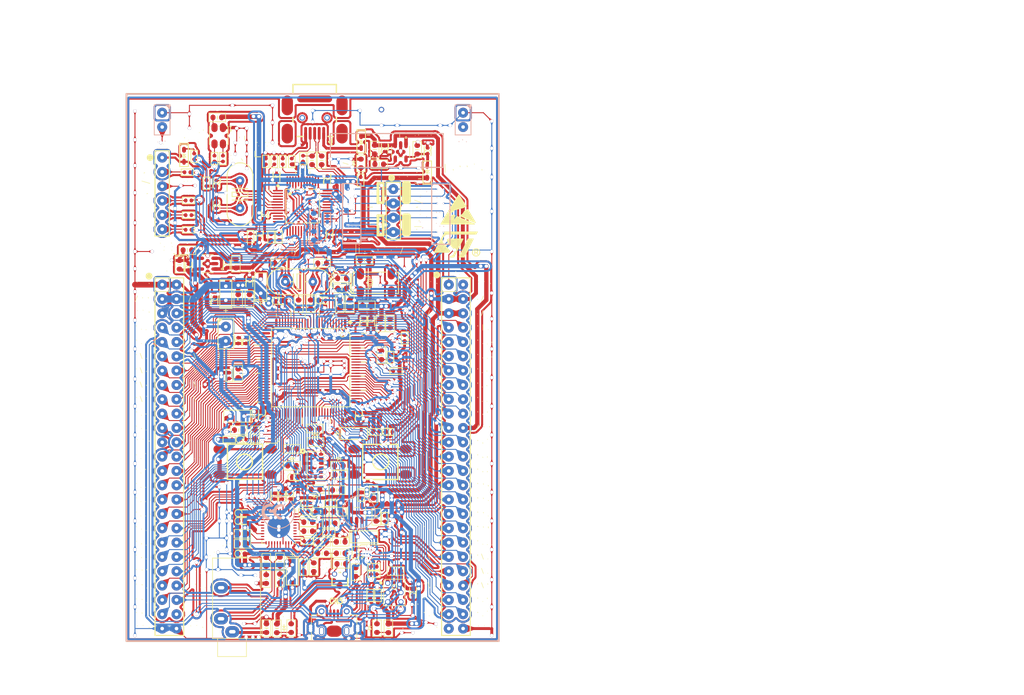
<source format=kicad_pcb>
(kicad_pcb (version 3) (host pcbnew "(2013-07-07 BZR 4022)-stable")
  (layers (15 F.Cu signal) (0 B.Cu signal) (18 B.Paste user) (19 F.Paste user) (20 B.SilkS user) (21 F.SilkS user) (22 B.Mask user) (23 F.Mask user) (28 Edge.Cuts user))
  (net 0 "")
  (gr_line (start 472.51874 -605.75952) (end 472.50604 -605.77222) (layer B.SilkS))
  (gr_line (start 473.16898 -606.2091) (end 473.14358 -606.32086) (layer B.SilkS))
  (gr_line (start 473.84208 -605.87128) (end 473.82938 -605.96018) (layer B.SilkS))
  (gr_line (start 481.82784 -570.36462) (end 481.9269 -570.39002) (layer B.SilkS))
  (gr_line (start 481.8634 -571.05296) (end 481.9269 -571.06566) (layer B.SilkS))
  (gr_line (start 481.71354 -571.6778) (end 481.72624 -571.6905) (layer B.SilkS))
  (gr_line (start 482.38918 -572.31534) (end 482.41458 -572.3255) (layer B.SilkS))
  (gr_line (start 487.172 -554.34738) (end 487.27106 -554.37278) (layer B.SilkS))
  (gr_line (start 487.27106 -556.32096) (end 487.44632 -556.33366) (layer B.SilkS))
  (gr_line (start 487.20756 -555.03572) (end 487.27106 -555.04588) (layer B.SilkS))
  (gr_line (start 487.045 -555.65802) (end 487.0577 -555.67072) (layer B.SilkS))
  (gr_line (start 487.52506 -589.83372) (end 487.51236 -590.00898) (layer B.SilkS))
  (gr_line (start 488.188 -589.62036) (end 488.1753 -589.63306) (layer B.SilkS))
  (gr_line (start 488.696 -564.50738) (end 488.79506 -564.53278) (layer B.SilkS))
  (gr_line (start 488.79506 -566.44286) (end 488.89412 -566.46826) (layer B.SilkS))
  (gr_line (start 488.73156 -565.19572) (end 488.79506 -565.20588) (layer B.SilkS))
  (gr_line (start 488.5817 -565.81802) (end 488.5944 -565.83072) (layer B.SilkS))
  (gr_line (start 488.8103 -589.77022) (end 488.7976 -589.83372) (layer B.SilkS))
  (gr_line (start 489.49864 -589.73466) (end 489.47324 -589.83372) (layer B.SilkS))
  (gr_line (start 495.11966 -586.4606) (end 495.21872 -586.486) (layer B.SilkS))
  (gr_line (start 495.15522 -587.14894) (end 495.21872 -587.1591) (layer B.SilkS))
  (gr_line (start 495.00536 -587.77124) (end 495.01806 -587.78394) (layer B.SilkS))
  (gr_line (start 495.00536 -588.40878) (end 495.01806 -588.42148) (layer B.SilkS))
  (gr_line (start 496.5065 -583.79614) (end 496.5065 -583.82154) (layer B.SilkS))
  (gr_line (start 496.54206 -585.07376) (end 496.52936 -585.17536) (layer B.SilkS))
  (gr_line (start 497.1669 -584.962) (end 497.1542 -584.9747) (layer B.SilkS))
  (gr_line (start 497.18214 -583.60818) (end 497.16944 -583.62088) (layer B.SilkS))
  (gr_line (start 497.79174 -585.11186) (end 497.77904 -585.17536) (layer B.SilkS))
  (gr_line (start 497.80698 -583.75804) (end 497.79428 -583.82154) (layer B.SilkS))
  (gr_line (start 498.1448 -592.80298) (end 498.24386 -592.81568) (layer B.SilkS))
  (gr_line (start 498.1067 -593.44052) (end 498.19306 -593.45322) (layer B.SilkS))
  (gr_line (start 497.99494 -592.16544) (end 498.00764 -592.17814) (layer B.SilkS))
  (gr_line (start 498.2845 -588.74914) (end 498.2972 -588.76184) (layer B.SilkS))
  (gr_line (start 498.37086 -589.37398) (end 498.47246 -589.38668) (layer B.SilkS))
  (gr_line (start 498.2337 -589.99882) (end 498.2464 -590.01152) (layer B.SilkS))
  (gr_line (start 498.47754 -585.07376) (end 498.45214 -585.17536) (layer B.SilkS))
  (gr_line (start 498.49278 -583.71994) (end 498.46992 -583.82154) (layer B.SilkS))
  (gr_line (start 500.07774 -580.41286) (end 500.06758 -580.51446) (layer B.SilkS))
  (gr_line (start 500.11584 -581.92416) (end 500.09044 -582.05116) (layer B.SilkS))
  (gr_line (start 500.72798 -580.2757) (end 500.71528 -580.2884) (layer B.SilkS))
  (gr_line (start 500.72798 -581.7997) (end 500.71528 -581.8124) (layer B.SilkS))
  (gr_line (start 501.35282 -580.42556) (end 501.34012 -580.48906) (layer B.SilkS))
  (gr_line (start 501.35282 -581.94956) (end 501.34012 -582.01306) (layer B.SilkS))
  (gr_line (start 502.04116 -580.39) (end 502.01576 -580.48906) (layer B.SilkS))
  (gr_line (start 502.04116 -581.914) (end 502.01576 -582.01306) (layer B.SilkS))
  (gr_line (start 503.70486 -592.43468) (end 503.80646 -592.44738) (layer B.SilkS))
  (gr_line (start 503.78106 -593.04682) (end 503.88012 -593.07222) (layer B.SilkS))
  (gr_line (start 503.555 -591.79714) (end 503.5677 -591.80984) (layer B.SilkS))
  (gr_line (start 505.841 -584.92644) (end 505.8283 -584.91374) (layer B.SilkS))
  (gr_line (start 505.71654 -586.87716) (end 505.61748 -586.85176) (layer B.SilkS))
  (gr_line (start 505.8283 -585.56398) (end 505.81814 -585.55128) (layer B.SilkS))
  (gr_line (start 505.67844 -586.18882) (end 505.61748 -586.17612) (layer B.SilkS))
  (gr_line (start 505.94514 -539.81604) (end 505.89942 -539.99892) (layer B.SilkS))
  (gr_line (start 506.08738 -595.67064) (end 506.07468 -595.68334) (layer B.SilkS))
  (gr_line (start 506.15088 -593.3313) (end 506.15088 -593.3567) (layer B.SilkS))
  (gr_line (start 506.3744 -588.33258) (end 506.3617 -588.42148) (layer B.SilkS))
  (gr_line (start 506.3744 -590.77098) (end 506.3617 -590.87004) (layer B.SilkS))
  (gr_line (start 506.71222 -595.8332) (end 506.69952 -595.8967) (layer B.SilkS))
  (gr_line (start 506.81128 -593.2932) (end 506.79858 -593.3567) (layer B.SilkS))
  (gr_line (start 507.01194 -588.38338) (end 506.99924 -588.44688) (layer B.SilkS))
  (gr_line (start 507.01194 -590.78368) (end 506.99924 -590.84464) (layer B.SilkS))
  (gr_line (start 507.06782 -539.58744) (end 507.04496 -539.6103) (layer B.SilkS))
  (gr_line (start 507.39802 -595.7951) (end 507.37516 -595.8967) (layer B.SilkS))
  (gr_line (start 507.49962 -593.2551) (end 507.47422 -593.3567) (layer B.SilkS))
  (gr_line (start 507.70028 -588.34528) (end 507.67488 -588.44688) (layer B.SilkS))
  (gr_line (start 507.70028 -590.74558) (end 507.67488 -590.84464) (layer B.SilkS))
  (gr_line (start 508.4191 -539.90748) (end 508.39624 -540.11322) (layer B.SilkS))
  (gr_line (start 509.60274 -592.08416) (end 509.76784 -592.1248) (layer B.SilkS))
  (gr_line (start 509.397 -590.15884) (end 509.41732 -590.17916) (layer B.SilkS))
  (gr_line (start 509.397 -591.14182) (end 509.41732 -591.16214) (layer B.SilkS))
  (gr_line (start 509.397 -593.08746) (end 509.41732 -593.10778) (layer B.SilkS))
  (gr_line (start 509.397 -594.21522) (end 509.41732 -594.23554) (layer B.SilkS))
  (gr_line (start 509.41732 -595.01532) (end 509.43764 -595.01532) (layer B.SilkS))
  (gr_line (start 509.397 -596.3666) (end 509.41732 -596.38692) (layer B.SilkS))
  (gr_line (start 509.76784 -597.61628) (end 509.91008 -597.65692) (layer B.SilkS))
  (gr_line (start 509.61036 -539.58744) (end 509.5875 -539.6103) (layer B.SilkS))
  (gr_line (start 510.11074 -603.631) (end 510.06756 -603.67418) (layer B.SilkS))
  (gr_line (start 510.95402 -570.88278) (end 510.94386 -570.97168) (layer B.SilkS))
  (gr_line (start 511.35788 -603.83928) (end 511.31724 -604.00692) (layer B.SilkS))
  (gr_line (start 511.60426 -570.78372) (end 511.59156 -570.79642) (layer B.SilkS))
  (gr_line (start 512.2291 -570.93358) (end 512.2164 -570.99454) (layer B.SilkS))
  (gr_line (start 512.91744 -570.89548) (end 512.89204 -570.99454) (layer B.SilkS))
  (gr_line (start 519.3157 -594.92134) (end 519.52144 -594.96198) (layer B.SilkS))
  (gr_line (start 519.41984 -590.53476) (end 519.56208 -590.5754) (layer B.SilkS))
  (gr_line (start 519.049 -591.55838) (end 519.06932 -591.58124) (layer B.SilkS))
  (gr_line (start 520.19708 -592.50326) (end 520.2174 -592.52358) (layer B.SilkS))
  (gr_line (start 519.049 -593.77326) (end 519.1125 -593.77326) (layer B.SilkS))
  (gr_line (start 519.049 -595.94496) (end 519.06932 -595.96528) (layer B.SilkS))
  (gr_line (start 520.19708 -596.94826) (end 520.2174 -596.96858) (layer B.SilkS))
  (gr_line (start 521.92682 -588.34528) (end 521.90142 -588.44434) (layer B.SilkS))
  (gr_line (start 521.93952 -593.23224) (end 521.91412 -593.3567) (layer B.SilkS))
  (gr_line (start 521.93698 -591.32724) (end 521.92428 -591.35264) (layer B.SilkS))
  (gr_line (start 522.04366 -595.85606) (end 522.03096 -595.95766) (layer B.SilkS))
  (gr_line (start 522.53896 -588.28178) (end 522.52626 -588.34528) (layer B.SilkS))
  (gr_line (start 522.53896 -593.25764) (end 522.52626 -593.3186) (layer B.SilkS))
  (gr_line (start 522.56182 -590.804) (end 522.54912 -590.86496) (layer B.SilkS))
  (gr_line (start 522.6558 -595.89416) (end 522.6431 -595.95766) (layer B.SilkS))
  (gr_line (start 523.22476 -588.24368) (end 523.2019 -588.34528) (layer B.SilkS))
  (gr_line (start 523.22476 -593.21954) (end 523.2019 -593.3186) (layer B.SilkS))
  (gr_line (start 523.25016 -590.7659) (end 523.22476 -590.86496) (layer B.SilkS))
  (gr_line (start 523.3416 -595.85606) (end 523.3162 -595.95766) (layer B.SilkS))
  (gr_line (start 525.95018 -605.78492) (end 525.93748 -605.88398) (layer B.SilkS))
  (gr_line (start 526.58772 -606.11004) (end 526.56232 -606.2218) (layer B.SilkS))
  (gr_line (start 527.26336 -605.77222) (end 527.25066 -605.85858) (layer B.SilkS))
  (gr_line (start 466.99932 -517.29894) (end 532.99868 -517.29894) (layer B.SilkS) (width 0.254))
  (gr_line (start 532.99868 -517.29894) (end 532.99868 -614.299) (layer B.SilkS) (width 0.254))
  (gr_line (start 532.99868 -614.299) (end 466.99932 -614.299) (layer B.SilkS) (width 0.254))
  (gr_line (start 466.99932 -614.299) (end 466.99932 -517.29894) (layer B.SilkS) (width 0.254))
  (gr_arc (start 494.41608 -540.2453) (end 494.30178 -539.0896) (angle 191.2) (layer B.SilkS) (width 0.508))
  (gr_arc (start 492.4171 -540.2199) (end 492.30534 -539.0642) (angle 191.3) (layer B.SilkS) (width 0.508))
  (gr_line (start 493.3696 -540.3088) (end 492.4806 -540.3088) (layer B.SilkS) (width 0.508))
  (gr_line (start 528.066 -607.0219) (end 525.272 -607.0219) (layer B.SilkS) (width 0.1524))
  (gr_line (start 525.272 -607.0219) (end 525.272 -612.3559) (layer B.SilkS) (width 0.1524))
  (gr_line (start 525.272 -612.3559) (end 528.066 -612.3559) (layer B.SilkS) (width 0.1524))
  (gr_line (start 528.066 -612.3559) (end 528.066 -607.0219) (layer B.SilkS) (width 0.1524))
  (gr_line (start 528.066 -611.5939) (end 527.304 -612.3559) (layer B.SilkS) (width 0.1524))
  (gr_line (start 528.066 -611.8479) (end 527.558 -612.3559) (layer B.SilkS) (width 0.1524))
  (gr_line (start 527.812 -612.2289) (end 528.066 -611.9749) (layer B.SilkS) (width 0.1524))
  (gr_line (start 528.066 -612.1019) (end 527.939 -612.2289) (layer B.SilkS) (width 0.1524))
  (gr_line (start 474.726 -607.0219) (end 471.932 -607.0219) (layer B.SilkS) (width 0.1524))
  (gr_line (start 471.932 -607.0219) (end 471.932 -612.3559) (layer B.SilkS) (width 0.1524))
  (gr_line (start 471.932 -612.3559) (end 474.726 -612.3559) (layer B.SilkS) (width 0.1524))
  (gr_line (start 474.726 -612.3559) (end 474.726 -607.0219) (layer B.SilkS) (width 0.1524))
  (gr_line (start 474.726 -611.5939) (end 473.964 -612.3559) (layer B.SilkS) (width 0.1524))
  (gr_line (start 474.726 -611.8479) (end 474.218 -612.3559) (layer B.SilkS) (width 0.1524))
  (gr_line (start 474.472 -612.2289) (end 474.726 -611.9749) (layer B.SilkS) (width 0.1524))
  (gr_line (start 474.726 -612.1019) (end 474.599 -612.2289) (layer B.SilkS) (width 0.1524))
  (gr_line (start 503.18162 -592.60994) (end 503.18162 -591.06054) (layer B.SilkS) (width 0.1524))
  (gr_line (start 503.18162 -591.06054) (end 502.01322 -591.06054) (layer B.SilkS) (width 0.1524))
  (gr_line (start 502.01322 -591.06054) (end 502.01322 -591.83524) (layer B.SilkS) (width 0.1524))
  (gr_line (start 503.18162 -592.47024) (end 503.18162 -593.24494) (layer B.SilkS) (width 0.1524))
  (gr_line (start 503.18162 -593.24494) (end 502.01322 -593.24494) (layer B.SilkS) (width 0.1524))
  (gr_line (start 502.01322 -593.24494) (end 502.01322 -591.54314) (layer B.SilkS) (width 0.1524))
  (gr_line (start 500.5197 -589.15554) (end 499.88978 -589.15554) (layer B.SilkS) (width 0.1524))
  (gr_arc (start 508.2032 -540.1691) (end 511.08356 -540.1691) (angle 0) (layer B.SilkS) (width 0.1524))
  (gr_arc (start 493.903 -540.131) (end 496.77066 -540.131) (angle 0) (layer B.SilkS) (width 0.1524))
  (gr_line (start 500.96166 -590.62874) (end 499.43766 -590.62874) (layer B.SilkS) (width 0.127))
  (gr_line (start 499.43766 -590.62874) (end 499.43766 -587.68234) (layer B.SilkS) (width 0.127))
  (gr_line (start 499.43766 -587.68234) (end 500.96166 -587.68234) (layer B.SilkS) (width 0.127))
  (gr_line (start 500.96166 -587.68234) (end 500.96166 -590.62874) (layer B.SilkS) (width 0.127))
  (gr_line (start 500.96166 -593.8266) (end 499.43766 -593.8266) (layer B.SilkS) (width 0.127))
  (gr_line (start 499.43766 -593.8266) (end 499.43766 -590.8802) (layer B.SilkS) (width 0.127))
  (gr_line (start 499.43766 -590.8802) (end 500.96166 -590.8802) (layer B.SilkS) (width 0.127))
  (gr_line (start 500.96166 -590.8802) (end 500.96166 -593.8266) (layer B.SilkS) (width 0.127))
  (gr_line (start 505.29998 -598.40114) (end 508.53848 -598.40114) (layer B.SilkS) (width 0.20066))
  (gr_line (start 508.53848 -598.40114) (end 508.53848 -587.73314) (layer B.SilkS) (width 0.20066))
  (gr_line (start 508.53848 -587.73314) (end 505.29998 -587.73314) (layer B.SilkS) (width 0.20066))
  (gr_line (start 505.29998 -587.73314) (end 505.29998 -598.40114) (layer B.SilkS) (width 0.20066))
  (gr_line (start 521.09878 -598.30208) (end 524.33728 -598.30208) (layer B.SilkS) (width 0.20066))
  (gr_line (start 524.33728 -598.30208) (end 524.33728 -587.63408) (layer B.SilkS) (width 0.20066))
  (gr_line (start 524.33728 -587.63408) (end 521.09878 -587.63408) (layer B.SilkS) (width 0.20066))
  (gr_line (start 521.09878 -587.63408) (end 521.09878 -598.30208) (layer B.SilkS) (width 0.20066))
  (gr_line (start 503.14606 -607.26828) (end 523.14602 -607.26828) (layer B.SilkS) (width 0.20066))
  (gr_line (start 523.14602 -607.26828) (end 523.14602 -601.2688) (layer B.SilkS) (width 0.20066))
  (gr_line (start 523.14602 -601.2688) (end 503.14606 -601.2688) (layer B.SilkS) (width 0.20066))
  (gr_line (start 503.14606 -601.2688) (end 503.14606 -607.26828) (layer B.SilkS) (width 0.20066))
  (gr_line (start 500.50446 -592.328) (end 500.39524 -592.328) (layer B.SilkS) (width 0.1397))
  (gr_line (start 500.39524 -592.328) (end 500.31396 -592.40674) (layer B.SilkS) (width 0.1397))
  (gr_line (start 500.31396 -592.40674) (end 500.22506 -592.31784) (layer B.SilkS) (width 0.1397))
  (gr_line (start 500.22506 -592.31784) (end 500.14378 -592.39658) (layer B.SilkS) (width 0.1397))
  (gr_line (start 500.14378 -592.39658) (end 500.06504 -592.31784) (layer B.SilkS) (width 0.1397))
  (gr_line (start 500.06504 -592.31784) (end 499.92534 -592.31784) (layer B.SilkS) (width 0.1397))
  (gr_line (start 468.90178 -578.45452) (end 468.55634 -577.50202) (layer F.SilkS))
  (gr_line (start 468.884 -520.01674) (end 468.90178 -519.98372) (layer F.SilkS))
  (gr_line (start 468.884 -553.03674) (end 468.90178 -553.00372) (layer F.SilkS))
  (gr_line (start 468.884 -575.89674) (end 468.90178 -575.86372) (layer F.SilkS))
  (gr_line (start 468.884 -580.97674) (end 468.90178 -580.94372) (layer F.SilkS))
  (gr_line (start 468.75446 -522.4272) (end 468.7697 -522.32814) (layer F.SilkS))
  (gr_line (start 468.75446 -524.83512) (end 468.7697 -524.7386) (layer F.SilkS))
  (gr_line (start 468.75446 -527.43608) (end 468.7697 -527.33702) (layer F.SilkS))
  (gr_line (start 468.75446 -530.0472) (end 468.7697 -529.94814) (layer F.SilkS))
  (gr_line (start 468.75446 -532.5872) (end 468.7697 -532.48814) (layer F.SilkS))
  (gr_line (start 468.75446 -535.03576) (end 468.7697 -534.9367) (layer F.SilkS))
  (gr_line (start 468.75446 -537.63672) (end 468.7697 -537.53766) (layer F.SilkS))
  (gr_line (start 468.75446 -540.2072) (end 468.7697 -540.10814) (layer F.SilkS))
  (gr_line (start 468.75446 -542.7472) (end 468.7697 -542.64814) (layer F.SilkS))
  (gr_line (start 468.75446 -545.2872) (end 468.7697 -545.18814) (layer F.SilkS))
  (gr_line (start 468.75446 -547.8272) (end 468.7697 -547.72814) (layer F.SilkS))
  (gr_line (start 468.75446 -550.3672) (end 468.7697 -550.26814) (layer F.SilkS))
  (gr_line (start 468.75446 -555.4472) (end 468.7697 -555.34814) (layer F.SilkS))
  (gr_line (start 468.75446 -557.9872) (end 468.7697 -557.88814) (layer F.SilkS))
  (gr_line (start 468.75446 -560.5272) (end 468.7697 -560.42814) (layer F.SilkS))
  (gr_line (start 468.75446 -563.0672) (end 468.7697 -562.96814) (layer F.SilkS))
  (gr_line (start 468.75446 -565.6072) (end 468.7697 -565.50814) (layer F.SilkS))
  (gr_line (start 468.75446 -568.1472) (end 468.7697 -568.04814) (layer F.SilkS))
  (gr_line (start 468.75446 -570.6872) (end 468.7697 -570.58814) (layer F.SilkS))
  (gr_line (start 468.75446 -573.2272) (end 468.7697 -573.12814) (layer F.SilkS))
  (gr_line (start 469.42502 -560.68976) (end 469.77046 -559.7398) (layer F.SilkS))
  (gr_line (start 469.42502 -563.22976) (end 469.77046 -562.2798) (layer F.SilkS))
  (gr_line (start 469.42502 -565.76976) (end 469.77046 -564.8198) (layer F.SilkS))
  (gr_line (start 469.42502 -568.30976) (end 469.77046 -567.3598) (layer F.SilkS))
  (gr_line (start 469.65616 -557.34712) (end 469.6714 -557.32934) (layer F.SilkS))
  (gr_line (start 469.65616 -570.04712) (end 469.6714 -570.02934) (layer F.SilkS))
  (gr_line (start 469.65616 -572.58712) (end 469.6714 -572.56934) (layer F.SilkS))
  (gr_line (start 469.75522 -522.32814) (end 469.7857 -522.22908) (layer F.SilkS))
  (gr_line (start 469.75522 -524.7386) (end 469.7857 -524.63954) (layer F.SilkS))
  (gr_line (start 469.75522 -527.33702) (end 469.7857 -527.23796) (layer F.SilkS))
  (gr_line (start 469.75522 -529.94814) (end 469.7857 -529.84908) (layer F.SilkS))
  (gr_line (start 469.65616 -532.1427) (end 469.6714 -532.04618) (layer F.SilkS))
  (gr_line (start 469.65616 -534.5938) (end 469.6714 -534.49474) (layer F.SilkS))
  (gr_line (start 469.65616 -537.19222) (end 469.6714 -537.0957) (layer F.SilkS))
  (gr_line (start 469.5571 -539.48584) (end 469.57488 -539.46806) (layer F.SilkS))
  (gr_line (start 469.5571 -542.02584) (end 469.57488 -542.00806) (layer F.SilkS))
  (gr_line (start 469.5571 -544.56584) (end 469.57488 -544.54806) (layer F.SilkS))
  (gr_line (start 469.5571 -547.10584) (end 469.57488 -547.08806) (layer F.SilkS))
  (gr_line (start 469.5571 -549.64584) (end 469.57488 -549.62806) (layer F.SilkS))
  (gr_line (start 469.65616 -555.0027) (end 469.6714 -554.90618) (layer F.SilkS))
  (gr_line (start 469.8365 -578.20814) (end 469.86952 -578.10908) (layer F.SilkS))
  (gr_line (start 469.93556 -520.08278) (end 469.9508 -520.065) (layer F.SilkS))
  (gr_line (start 469.93556 -553.10278) (end 469.9508 -553.085) (layer F.SilkS))
  (gr_line (start 469.93556 -575.96278) (end 469.9508 -575.945) (layer F.SilkS))
  (gr_line (start 469.93556 -581.04278) (end 469.9508 -581.025) (layer F.SilkS))
  (gr_line (start 470.60866 -596.6079) (end 470.75852 -596.6333) (layer F.SilkS))
  (gr_line (start 469.72474 -598.84564) (end 471.14968 -598.42654) (layer F.SilkS))
  (gr_line (start 470.09304 -600.27312) (end 470.24036 -600.32138) (layer F.SilkS))
  (gr_line (start 470.37752 -547.79418) (end 470.41054 -547.67734) (layer F.SilkS))
  (gr_line (start 470.39276 -550.545) (end 470.41054 -550.52976) (layer F.SilkS))
  (gr_line (start 470.39276 -539.48584) (end 470.41054 -539.46806) (layer F.SilkS))
  (gr_line (start 470.39276 -542.02584) (end 470.41054 -542.00806) (layer F.SilkS))
  (gr_line (start 470.39276 -544.56584) (end 470.41054 -544.54806) (layer F.SilkS))
  (gr_line (start 470.44356 -557.60874) (end 470.4588 -557.49444) (layer F.SilkS))
  (gr_line (start 470.44356 -570.2427) (end 470.4588 -570.14618) (layer F.SilkS))
  (gr_line (start 470.4588 -572.50584) (end 470.47404 -572.48806) (layer F.SilkS))
  (gr_line (start 470.47404 -531.86584) (end 470.49182 -531.84806) (layer F.SilkS))
  (gr_line (start 470.47404 -534.3144) (end 470.49182 -534.29916) (layer F.SilkS))
  (gr_line (start 470.47404 -536.91536) (end 470.49182 -536.89758) (layer F.SilkS))
  (gr_line (start 470.47404 -554.72584) (end 470.49182 -554.70806) (layer F.SilkS))
  (gr_line (start 470.54008 -560.705) (end 470.55786 -560.68976) (layer F.SilkS))
  (gr_line (start 470.52484 -562.68874) (end 470.54008 -562.57444) (layer F.SilkS))
  (gr_line (start 470.52484 -565.1627) (end 470.54008 -565.06618) (layer F.SilkS))
  (gr_line (start 470.59088 -530.01418) (end 470.6239 -529.89734) (layer F.SilkS))
  (gr_line (start 470.54008 -567.42584) (end 470.55786 -567.40806) (layer F.SilkS))
  (gr_line (start 470.60612 -521.70584) (end 470.6239 -521.68806) (layer F.SilkS))
  (gr_line (start 470.60612 -524.11376) (end 470.6239 -524.09852) (layer F.SilkS))
  (gr_line (start 470.60612 -526.71472) (end 470.6239 -526.69948) (layer F.SilkS))
  (gr_line (start 470.8525 -578.20814) (end 470.88552 -578.10908) (layer F.SilkS))
  (gr_line (start 470.99982 -519.78814) (end 471.03284 -519.68908) (layer F.SilkS))
  (gr_line (start 470.99982 -552.80814) (end 471.03284 -552.70908) (layer F.SilkS))
  (gr_line (start 470.99982 -575.66814) (end 471.03284 -575.56908) (layer F.SilkS))
  (gr_line (start 470.99982 -580.74814) (end 471.03284 -580.64908) (layer F.SilkS))
  (gr_line (start 471.21318 -539.82874) (end 471.22842 -539.71444) (layer F.SilkS))
  (gr_line (start 471.21318 -542.3027) (end 471.22842 -542.20618) (layer F.SilkS))
  (gr_line (start 471.22842 -544.56584) (end 471.2462 -544.54806) (layer F.SilkS))
  (gr_line (start 471.29446 -532.20874) (end 471.31224 -532.09444) (layer F.SilkS))
  (gr_line (start 471.29446 -534.5938) (end 471.31224 -534.49474) (layer F.SilkS))
  (gr_line (start 471.31224 -536.91536) (end 471.32748 -536.89758) (layer F.SilkS))
  (gr_line (start 471.42654 -522.04874) (end 471.44178 -521.93444) (layer F.SilkS))
  (gr_line (start 471.42654 -524.39316) (end 471.44178 -524.2941) (layer F.SilkS))
  (gr_line (start 471.44178 -526.71472) (end 471.45956 -526.69948) (layer F.SilkS))
  (gr_line (start 472.78036 -604.75622) (end 472.79306 -604.74352) (layer F.SilkS))
  (gr_line (start 473.51696 -605.39376) (end 473.52966 -605.38106) (layer F.SilkS))
  (gr_line (start 473.64396 -586.57998) (end 473.65412 -586.59268) (layer F.SilkS))
  (gr_line (start 473.70492 -587.19212) (end 473.71762 -587.20482) (layer F.SilkS))
  (gr_line (start 473.01912 -587.82966) (end 473.03182 -587.84236) (layer F.SilkS))
  (gr_line (start 474.15958 -582.93254) (end 474.16974 -582.85888) (layer F.SilkS))
  (gr_line (start 474.2053 -604.69526) (end 474.21546 -604.68256) (layer F.SilkS))
  (gr_line (start 474.79458 -582.3839) (end 474.80728 -582.3712) (layer F.SilkS))
  (gr_line (start 475.0435 -586.59522) (end 475.0562 -586.60792) (layer F.SilkS))
  (gr_line (start 474.9292 -587.8576) (end 474.9927 -587.8703) (layer F.SilkS))
  (gr_line (start 475.10446 -587.20736) (end 475.11716 -587.22006) (layer F.SilkS))
  (gr_line (start 475.42196 -589.79816) (end 475.42196 -589.77276) (layer F.SilkS))
  (gr_line (start 475.42196 -594.995) (end 475.42196 -594.9696) (layer F.SilkS))
  (gr_line (start 475.4372 -592.19846) (end 475.4372 -592.17306) (layer F.SilkS))
  (gr_line (start 476.0341 -589.84896) (end 476.04426 -589.83626) (layer F.SilkS))
  (gr_line (start 476.0341 -595.0458) (end 476.04426 -595.0331) (layer F.SilkS))
  (gr_line (start 476.04934 -592.24672) (end 476.06204 -592.23402) (layer F.SilkS))
  (gr_line (start 476.5802 -587.95666) (end 476.5929 -587.94396) (layer F.SilkS))
  (gr_line (start 476.6691 -590.53476) (end 476.6818 -590.52206) (layer F.SilkS))
  (gr_line (start 476.6564 -595.30742) (end 476.6691 -595.22106) (layer F.SilkS))
  (gr_line (start 476.69958 -592.50834) (end 476.70974 -592.40928) (layer F.SilkS))
  (gr_line (start 477.22028 -598.79484) (end 477.22028 -598.76944) (layer F.SilkS))
  (gr_line (start 477.28632 -606.56216) (end 477.31172 -606.48596) (layer F.SilkS))
  (gr_line (start 477.19234 -587.89316) (end 477.20504 -587.883) (layer F.SilkS))
  (gr_line (start 477.81718 -588.10652) (end 477.82988 -588.03286) (layer F.SilkS))
  (gr_line (start 477.83242 -598.8431) (end 477.84512 -598.8304) (layer F.SilkS))
  (gr_line (start 477.93656 -606.08718) (end 477.94926 -606.07448) (layer F.SilkS))
  (gr_line (start 478.40138 -578.45452) (end 478.05848 -577.50202) (layer F.SilkS))
  (gr_line (start 478.38614 -520.01674) (end 478.40138 -519.98372) (layer F.SilkS))
  (gr_line (start 478.38614 -580.97674) (end 478.40138 -580.94372) (layer F.SilkS))
  (gr_line (start 478.40138 -522.62278) (end 478.41916 -522.605) (layer F.SilkS))
  (gr_line (start 478.25406 -524.9672) (end 478.2693 -524.86814) (layer F.SilkS))
  (gr_line (start 478.25406 -527.5072) (end 478.2693 -527.40814) (layer F.SilkS))
  (gr_line (start 478.25406 -530.0472) (end 478.2693 -529.94814) (layer F.SilkS))
  (gr_line (start 478.25406 -532.5872) (end 478.2693 -532.48814) (layer F.SilkS))
  (gr_line (start 478.25406 -535.1272) (end 478.2693 -535.02814) (layer F.SilkS))
  (gr_line (start 478.25406 -537.6672) (end 478.2693 -537.56814) (layer F.SilkS))
  (gr_line (start 478.25406 -540.2072) (end 478.2693 -540.10814) (layer F.SilkS))
  (gr_line (start 478.25406 -542.7472) (end 478.2693 -542.64814) (layer F.SilkS))
  (gr_line (start 478.25406 -545.2872) (end 478.2693 -545.18814) (layer F.SilkS))
  (gr_line (start 478.25406 -547.8272) (end 478.2693 -547.72814) (layer F.SilkS))
  (gr_line (start 478.25406 -550.3672) (end 478.2693 -550.26814) (layer F.SilkS))
  (gr_line (start 478.25406 -552.9072) (end 478.2693 -552.80814) (layer F.SilkS))
  (gr_line (start 478.25406 -555.4472) (end 478.2693 -555.34814) (layer F.SilkS))
  (gr_line (start 478.25406 -557.9872) (end 478.2693 -557.88814) (layer F.SilkS))
  (gr_line (start 478.25406 -560.5272) (end 478.2693 -560.42814) (layer F.SilkS))
  (gr_line (start 478.25406 -563.0672) (end 478.2693 -562.96814) (layer F.SilkS))
  (gr_line (start 478.25406 -565.6072) (end 478.2693 -565.50814) (layer F.SilkS))
  (gr_line (start 478.25406 -568.1472) (end 478.2693 -568.04814) (layer F.SilkS))
  (gr_line (start 478.25406 -570.6872) (end 478.2693 -570.58814) (layer F.SilkS))
  (gr_line (start 478.25406 -573.2272) (end 478.2693 -573.12814) (layer F.SilkS))
  (gr_line (start 478.40138 -575.96278) (end 478.41916 -575.945) (layer F.SilkS))
  (gr_line (start 478.46996 -598.8431) (end 478.48266 -598.8304) (layer F.SilkS))
  (gr_line (start 478.92716 -560.68976) (end 479.27006 -559.7398) (layer F.SilkS))
  (gr_line (start 478.92716 -563.22976) (end 479.27006 -562.2798) (layer F.SilkS))
  (gr_line (start 478.92716 -565.76976) (end 479.27006 -564.8198) (layer F.SilkS))
  (gr_line (start 478.92716 -568.30976) (end 479.27006 -567.3598) (layer F.SilkS))
  (gr_line (start 479.15576 -557.34712) (end 479.171 -557.32934) (layer F.SilkS))
  (gr_line (start 479.15576 -570.04712) (end 479.171 -570.02934) (layer F.SilkS))
  (gr_line (start 479.15576 -572.58712) (end 479.171 -572.56934) (layer F.SilkS))
  (gr_line (start 479.25482 -524.86814) (end 479.28784 -524.76908) (layer F.SilkS))
  (gr_line (start 479.25482 -527.40814) (end 479.28784 -527.30908) (layer F.SilkS))
  (gr_line (start 479.25482 -529.94814) (end 479.28784 -529.84908) (layer F.SilkS))
  (gr_line (start 479.25482 -532.48814) (end 479.28784 -532.38908) (layer F.SilkS))
  (gr_line (start 479.15576 -534.6827) (end 479.171 -534.58618) (layer F.SilkS))
  (gr_line (start 479.15576 -537.2227) (end 479.171 -537.12618) (layer F.SilkS))
  (gr_line (start 479.15576 -539.7627) (end 479.171 -539.66618) (layer F.SilkS))
  (gr_line (start 479.0567 -542.02584) (end 479.07448 -542.00806) (layer F.SilkS))
  (gr_line (start 479.0567 -544.56584) (end 479.07448 -544.54806) (layer F.SilkS))
  (gr_line (start 479.0567 -547.10584) (end 479.07448 -547.08806) (layer F.SilkS))
  (gr_line (start 479.0567 -549.64584) (end 479.07448 -549.62806) (layer F.SilkS))
  (gr_line (start 479.15576 -552.4627) (end 479.171 -552.36618) (layer F.SilkS))
  (gr_line (start 479.15576 -555.0027) (end 479.171 -554.90618) (layer F.SilkS))
  (gr_line (start 479.3361 -578.20814) (end 479.36912 -578.10908) (layer F.SilkS))
  (gr_line (start 479.36912 -521.78712) (end 479.38436 -521.76934) (layer F.SilkS))
  (gr_line (start 479.43516 -520.08278) (end 479.4504 -520.065) (layer F.SilkS))
  (gr_line (start 479.43516 -581.04278) (end 479.4504 -581.025) (layer F.SilkS))
  (gr_line (start 479.38436 -574.9798) (end 479.38436 -574.94678) (layer F.SilkS))
  (gr_line (start 479.7171 -605.78238) (end 479.72726 -605.79508) (layer F.SilkS))
  (gr_line (start 479.76536 -605.17024) (end 479.79076 -605.17024) (layer F.SilkS))
  (gr_line (start 479.91014 -549.87444) (end 479.92538 -549.79316) (layer F.SilkS))
  (gr_line (start 479.99142 -557.49444) (end 480.0092 -557.44618) (layer F.SilkS))
  (gr_line (start 479.99142 -573.12814) (end 480.0092 -572.91478) (layer F.SilkS))
  (gr_line (start 479.89236 -542.02584) (end 479.91014 -542.00806) (layer F.SilkS))
  (gr_line (start 479.89236 -544.56584) (end 479.91014 -544.54806) (layer F.SilkS))
  (gr_line (start 479.89236 -547.10584) (end 479.91014 -547.08806) (layer F.SilkS))
  (gr_line (start 480.0092 -555.34814) (end 480.02444 -555.13478) (layer F.SilkS))
  (gr_line (start 479.9584 -569.96584) (end 479.97618 -569.94806) (layer F.SilkS))
  (gr_line (start 479.97618 -552.18584) (end 479.99142 -552.16806) (layer F.SilkS))
  (gr_line (start 480.0727 -562.57444) (end 480.09048 -562.52618) (layer F.SilkS))
  (gr_line (start 480.0727 -568.04814) (end 480.09048 -567.83478) (layer F.SilkS))
  (gr_line (start 479.97618 -534.40584) (end 479.99142 -534.38806) (layer F.SilkS))
  (gr_line (start 479.97618 -536.94584) (end 479.99142 -536.92806) (layer F.SilkS))
  (gr_line (start 479.97618 -539.48584) (end 479.99142 -539.46806) (layer F.SilkS))
  (gr_line (start 480.05746 -560.14874) (end 480.0727 -560.01666) (layer F.SilkS))
  (gr_line (start 480.03968 -564.88584) (end 480.05746 -564.86806) (layer F.SilkS))
  (gr_line (start 480.1235 -532.09444) (end 480.13874 -532.01316) (layer F.SilkS))
  (gr_line (start 480.1235 -575.3227) (end 480.13874 -575.22618) (layer F.SilkS))
  (gr_line (start 479.91014 -607.43846) (end 479.92284 -607.42576) (layer F.SilkS))
  (gr_line (start 480.10572 -524.24584) (end 480.1235 -524.22806) (layer F.SilkS))
  (gr_line (start 480.10572 -526.78584) (end 480.1235 -526.76806) (layer F.SilkS))
  (gr_line (start 480.10572 -529.32584) (end 480.1235 -529.30806) (layer F.SilkS))
  (gr_line (start 480.3521 -578.20814) (end 480.38512 -578.10908) (layer F.SilkS))
  (gr_line (start 480.10318 -599.37904) (end 480.17938 -599.39174) (layer F.SilkS))
  (gr_line (start 480.3648 -598.14206) (end 480.3902 -598.14206) (layer F.SilkS))
  (gr_line (start 480.31654 -598.7542) (end 480.32924 -598.7669) (layer F.SilkS))
  (gr_line (start 480.49942 -519.78814) (end 480.53244 -519.68908) (layer F.SilkS))
  (gr_line (start 480.49942 -580.74814) (end 480.53244 -580.64908) (layer F.SilkS))
  (gr_line (start 480.62134 -607.91344) (end 480.64674 -607.83978) (layer F.SilkS))
  (gr_line (start 480.76104 -542.25444) (end 480.77882 -542.20618) (layer F.SilkS))
  (gr_line (start 480.76104 -547.72814) (end 480.77882 -547.51478) (layer F.SilkS))
  (gr_line (start 480.73056 -544.56584) (end 480.7458 -544.54806) (layer F.SilkS))
  (gr_line (start 480.84486 -534.63444) (end 480.8601 -534.58618) (layer F.SilkS))
  (gr_line (start 480.84486 -540.10814) (end 480.8601 -539.89478) (layer F.SilkS))
  (gr_line (start 480.81184 -536.94584) (end 480.82708 -536.92806) (layer F.SilkS))
  (gr_line (start 480.9744 -575.96278) (end 480.99218 -575.945) (layer F.SilkS))
  (gr_line (start 480.9744 -524.47444) (end 480.99218 -524.42618) (layer F.SilkS))
  (gr_line (start 480.9744 -529.94814) (end 480.99218 -529.73478) (layer F.SilkS))
  (gr_line (start 480.94138 -526.78584) (end 480.95916 -526.76806) (layer F.SilkS))
  (gr_line (start 481.05314 -594.12886) (end 481.06584 -594.11616) (layer F.SilkS))
  (gr_line (start 481.30714 -582.01052) (end 481.30714 -581.52284) (layer F.SilkS))
  (gr_line (start 481.27158 -607.43846) (end 481.28428 -607.42576) (layer F.SilkS))
  (gr_line (start 481.41128 -603.07728) (end 481.48748 -603.08998) (layer F.SilkS))
  (gr_line (start 481.56114 -577.31914) (end 481.57384 -577.33184) (layer F.SilkS))
  (gr_line (start 481.62464 -577.93128) (end 481.63734 -577.94398) (layer F.SilkS))
  (gr_line (start 481.67544 -602.47784) (end 481.6983 -602.47784) (layer F.SilkS))
  (gr_line (start 481.36302 -578.55612) (end 481.44938 -578.56882) (layer F.SilkS))
  (gr_line (start 481.29952 -570.74562) (end 481.29952 -570.17158) (layer F.SilkS))
  (gr_line (start 481.65258 -594.59114) (end 481.67798 -594.50478) (layer F.SilkS))
  (gr_line (start 481.82022 -532.43988) (end 481.83038 -532.42718) (layer F.SilkS))
  (gr_line (start 481.82022 -548.76954) (end 481.83292 -548.69588) (layer F.SilkS))
  (gr_line (start 481.91674 -552.46524) (end 481.91674 -552.43984) (layer F.SilkS))
  (gr_line (start 481.95484 -581.53554) (end 481.96754 -581.45934) (layer F.SilkS))
  (gr_line (start 481.97516 -570.60846) (end 481.98532 -570.53226) (layer F.SilkS))
  (gr_line (start 482.55682 -533.07488) (end 482.56952 -533.06218) (layer F.SilkS))
  (gr_line (start 482.44506 -548.55872) (end 482.45776 -548.54602) (layer F.SilkS))
  (gr_line (start 482.51618 -552.7294) (end 482.52888 -552.6532) (layer F.SilkS))
  (gr_line (start 482.61016 -570.05728) (end 482.62286 -570.04712) (layer F.SilkS))
  (gr_line (start 483.17912 -552.6913) (end 483.19182 -552.6278) (layer F.SilkS))
  (gr_line (start 483.26802 -532.55164) (end 483.28072 -532.51354) (layer F.SilkS))
  (gr_line (start 483.64902 -554.73092) (end 483.64902 -554.70552) (layer F.SilkS))
  (gr_line (start 483.47884 -568.41644) (end 483.47884 -567.41568) (layer F.SilkS))
  (gr_line (start 484.10114 -534.18486) (end 484.11384 -534.17216) (layer F.SilkS))
  (gr_line (start 484.10114 -536.21686) (end 484.11384 -536.20416) (layer F.SilkS))
  (gr_line (start 484.18496 -574.75628) (end 484.19766 -574.74358) (layer F.SilkS))
  (gr_line (start 484.34752 -568.49772) (end 484.34752 -567.41568) (layer F.SilkS))
  (gr_line (start 484.24846 -554.99254) (end 484.26116 -554.91888) (layer F.SilkS))
  (gr_line (start 484.45166 -598.11412) (end 484.46436 -598.12682) (layer F.SilkS))
  (gr_line (start 484.251 -598.73896) (end 484.35006 -598.75166) (layer F.SilkS))
  (gr_line (start 485.50322 -587.08544) (end 485.67594 -587.08544) (layer F.SilkS))
  (gr_line (start 484.60914 -539.01086) (end 484.62184 -538.99816) (layer F.SilkS))
  (gr_line (start 484.60914 -540.53486) (end 484.62184 -540.52216) (layer F.SilkS))
  (gr_line (start 484.62184 -562.2671) (end 484.62184 -562.2417) (layer F.SilkS))
  (gr_line (start 484.73868 -536.33116) (end 484.75138 -536.29306) (layer F.SilkS))
  (gr_line (start 484.70058 -534.38552) (end 484.71328 -534.29916) (layer F.SilkS))
  (gr_line (start 484.7971 -574.69532) (end 484.8098 -574.68262) (layer F.SilkS))
  (gr_line (start 484.886 -555.04334) (end 484.89616 -554.95444) (layer F.SilkS))
  (gr_line (start 485.2162 -568.49772) (end 485.2162 -567.41568) (layer F.SilkS))
  (gr_line (start 485.24668 -539.12516) (end 485.25938 -539.08706) (layer F.SilkS))
  (gr_line (start 485.24668 -540.64916) (end 485.25938 -540.61106) (layer F.SilkS))
  (gr_line (start 485.22128 -562.52872) (end 485.23398 -562.45506) (layer F.SilkS))
  (gr_line (start 485.37622 -534.59888) (end 485.38892 -534.43632) (layer F.SilkS))
  (gr_line (start 485.35082 -536.8417) (end 485.36352 -536.829) (layer F.SilkS))
  (gr_line (start 485.43464 -574.69532) (end 485.4448 -574.68262) (layer F.SilkS))
  (gr_line (start 485.73944 -602.73184) (end 485.7623 -602.73184) (layer F.SilkS))
  (gr_line (start 485.51338 -603.36938) (end 485.55148 -603.38208) (layer F.SilkS))
  (gr_line (start 485.63022 -609.78796) (end 485.63022 -609.76256) (layer F.SilkS))
  (gr_line (start 485.89692 -562.49316) (end 485.90962 -562.45506) (layer F.SilkS))
  (gr_line (start 485.84612 -539.21152) (end 485.85882 -539.12516) (layer F.SilkS))
  (gr_line (start 485.84612 -540.68472) (end 485.85882 -540.61106) (layer F.SilkS))
  (gr_line (start 486.26014 -606.25736) (end 486.2703 -606.2472) (layer F.SilkS))
  (gr_line (start 487.25074 -587.08544) (end 487.42092 -587.08544) (layer F.SilkS))
  (gr_line (start 486.24236 -609.83876) (end 486.25506 -609.82606) (layer F.SilkS))
  (gr_line (start 486.41254 -558.85588) (end 486.42524 -558.84318) (layer F.SilkS))
  (gr_line (start 486.87228 -545.465) (end 486.87228 -544.82746) (layer F.SilkS))
  (gr_line (start 486.65384 -562.2671) (end 486.65384 -562.2417) (layer F.SilkS))
  (gr_line (start 486.91292 -572.53886) (end 486.92562 -572.55156) (layer F.SilkS))
  (gr_line (start 486.76306 -573.1383) (end 486.83926 -573.151) (layer F.SilkS))
  (gr_line (start 486.97642 -573.786) (end 486.98912 -573.7987) (layer F.SilkS))
  (gr_line (start 486.99166 -606.64852) (end 487.01452 -606.4885) (layer F.SilkS))
  (gr_line (start 486.90784 -588.1751) (end 486.90784 -588.1497) (layer F.SilkS))
  (gr_line (start 486.80624 -575.44716) (end 486.81894 -575.43446) (layer F.SilkS))
  (gr_line (start 487.01198 -559.00574) (end 487.02468 -558.92954) (layer F.SilkS))
  (gr_line (start 487.25328 -562.52872) (end 487.26598 -562.45506) (layer F.SilkS))
  (gr_line (start 487.39298 -575.44716) (end 487.40568 -575.43446) (layer F.SilkS))
  (gr_line (start 487.35996 -602.82582) (end 487.57332 -602.46514) (layer F.SilkS))
  (gr_line (start 487.65714 -580.62114) (end 487.66984 -580.63384) (layer F.SilkS))
  (gr_line (start 487.72064 -581.23328) (end 487.73334 -581.24598) (layer F.SilkS))
  (gr_line (start 487.72064 -581.87082) (end 487.73334 -581.88352) (layer F.SilkS))
  (gr_line (start 487.56062 -544.74618) (end 487.57586 -544.66236) (layer F.SilkS))
  (gr_line (start 487.51998 -588.2259) (end 487.53268 -588.2132) (layer F.SilkS))
  (gr_line (start 487.94416 -606.8187) (end 487.94416 -606.1329) (layer F.SilkS))
  (gr_line (start 487.64952 -559.00574) (end 487.66222 -558.92954) (layer F.SilkS))
  (gr_line (start 488.04322 -583.96378) (end 488.05592 -583.97648) (layer F.SilkS))
  (gr_line (start 487.58094 -585.20076) (end 487.6673 -585.22616) (layer F.SilkS))
  (gr_line (start 488.10418 -584.57592) (end 488.11688 -584.58862) (layer F.SilkS))
  (gr_line (start 487.90352 -562.3179) (end 487.91622 -562.3052) (layer F.SilkS))
  (gr_line (start 488.99572 -587.08544) (end 489.16844 -587.08544) (layer F.SilkS))
  (gr_line (start 488.17022 -588.40116) (end 488.18292 -588.33766) (layer F.SilkS))
  (gr_line (start 488.31246 -572.53886) (end 488.32516 -572.55156) (layer F.SilkS))
  (gr_line (start 488.1626 -573.1383) (end 488.2388 -573.151) (layer F.SilkS))
  (gr_line (start 488.37596 -573.786) (end 488.38866 -573.7987) (layer F.SilkS))
  (gr_line (start 488.17276 -602.5134) (end 488.18546 -602.50324) (layer F.SilkS))
  (gr_line (start 488.38104 -544.87572) (end 488.38104 -544.8427) (layer F.SilkS))
  (gr_line (start 488.59694 -575.40652) (end 488.59694 -575.38112) (layer F.SilkS))
  (gr_line (start 488.98556 -545.20338) (end 489.00334 -545.18814) (layer F.SilkS))
  (gr_line (start 489.20908 -575.45478) (end 489.22178 -575.44208) (layer F.SilkS))
  (gr_line (start 489.43514 -532.66086) (end 489.44784 -532.64816) (layer F.SilkS))
  (gr_line (start 489.64342 -583.9968) (end 489.65612 -584.0095) (layer F.SilkS))
  (gr_line (start 489.70438 -584.60894) (end 489.71708 -584.62164) (layer F.SilkS))
  (gr_line (start 489.2294 -585.26934) (end 489.39196 -585.28204) (layer F.SilkS))
  (gr_line (start 489.83392 -575.66814) (end 489.84662 -575.59194) (layer F.SilkS))
  (gr_line (start 489.6104 -586.19898) (end 489.65866 -586.10246) (layer F.SilkS))
  (gr_line (start 489.94314 -590.82686) (end 489.95584 -590.81416) (layer F.SilkS))
  (gr_line (start 490.03458 -532.86152) (end 490.04728 -532.77516) (layer F.SilkS))
  (gr_line (start 490.41812 -605.08134) (end 490.44352 -605.08134) (layer F.SilkS))
  (gr_line (start 490.1057 -605.68078) (end 490.1946 -605.69348) (layer F.SilkS))
  (gr_line (start 490.66704 -586.3971) (end 490.69244 -586.27264) (layer F.SilkS))
  (gr_line (start 490.55528 -590.7659) (end 490.56798 -590.7532) (layer F.SilkS))
  (gr_line (start 490.67212 -532.81072) (end 490.68482 -532.73706) (layer F.SilkS))
  (gr_line (start 490.95914 -575.28714) (end 490.97184 -575.29984) (layer F.SilkS))
  (gr_line (start 491.02264 -575.89928) (end 491.03534 -575.91198) (layer F.SilkS))
  (gr_line (start 490.80928 -576.52412) (end 490.88548 -576.53682) (layer F.SilkS))
  (gr_line (start 490.91088 -584.09078) (end 490.92358 -584.07808) (layer F.SilkS))
  (gr_line (start 491.15472 -573.33134) (end 491.15472 -572.84366) (layer F.SilkS))
  (gr_line (start 491.20044 -597.6747) (end 491.20044 -597.18702) (layer F.SilkS))
  (gr_line (start 491.29188 -594.2711) (end 491.30458 -594.2584) (layer F.SilkS))
  (gr_line (start 491.19282 -590.7659) (end 491.20552 -590.7532) (layer F.SilkS))
  (gr_line (start 491.45444 -586.12532) (end 491.5281 -586.12532) (layer F.SilkS))
  (gr_line (start 491.38332 -599.7067) (end 491.39602 -599.694) (layer F.SilkS))
  (gr_line (start 491.52302 -584.02728) (end 491.53572 -584.01458) (layer F.SilkS))
  (gr_line (start 491.60684 -605.6757) (end 491.7059 -605.6884) (layer F.SilkS))
  (gr_line (start 491.91926 -605.05086) (end 491.94466 -605.05086) (layer F.SilkS))
  (gr_line (start 491.72114 -533.16886) (end 491.73384 -533.15616) (layer F.SilkS))
  (gr_line (start 491.73384 -522.1351) (end 491.73384 -522.1097) (layer F.SilkS))
  (gr_line (start 491.84306 -572.81826) (end 491.85576 -572.78016) (layer F.SilkS))
  (gr_line (start 491.83544 -525.53362) (end 491.83544 -525.50822) (layer F.SilkS))
  (gr_line (start 491.86084 -596.98636) (end 491.87354 -596.97366) (layer F.SilkS))
  (gr_line (start 491.90402 -594.2076) (end 491.91672 -594.1949) (layer F.SilkS))
  (gr_line (start 491.98784 -590.4611) (end 491.98784 -590.4357) (layer F.SilkS))
  (gr_line (start 491.99546 -600.33154) (end 492.00816 -600.31884) (layer F.SilkS))
  (gr_line (start 492.27486 -542.1376) (end 492.28502 -542.1503) (layer F.SilkS))
  (gr_line (start 491.86084 -543.41268) (end 492.0234 -543.42538) (layer F.SilkS))
  (gr_line (start 492.18596 -584.20254) (end 492.19866 -584.16444) (layer F.SilkS))
  (gr_line (start 492.16056 -542.77514) (end 492.19866 -542.78784) (layer F.SilkS))
  (gr_line (start 492.02086 -586.19898) (end 492.06912 -586.10246) (layer F.SilkS))
  (gr_line (start 492.36884 -607.70262) (end 492.38154 -607.68992) (layer F.SilkS))
  (gr_line (start 492.32058 -533.36952) (end 492.33328 -533.28316) (layer F.SilkS))
  (gr_line (start 492.35868 -522.44752) (end 492.37138 -522.34846) (layer F.SilkS))
  (gr_line (start 492.46028 -525.84604) (end 492.47298 -525.74444) (layer F.SilkS))
  (gr_line (start 492.56696 -594.68258) (end 492.57966 -594.52002) (layer F.SilkS))
  (gr_line (start 492.59998 -590.5119) (end 492.61268 -590.4992) (layer F.SilkS))
  (gr_line (start 492.80826 -555.2948) (end 492.81842 -555.3075) (layer F.SilkS))
  (gr_line (start 492.6584 -555.89424) (end 492.73206 -555.90694) (layer F.SilkS))
  (gr_line (start 492.7092 -553.06468) (end 492.7219 -553.05198) (layer F.SilkS))
  (gr_line (start 492.69396 -556.56988) (end 492.73206 -556.58258) (layer F.SilkS))
  (gr_line (start 493.01908 -605.06864) (end 493.04448 -605.06864) (layer F.SilkS))
  (gr_line (start 492.28248 -605.68078) (end 492.29518 -605.69348) (layer F.SilkS))
  (gr_line (start 492.87938 -575.90436) (end 492.89208 -575.89166) (layer F.SilkS))
  (gr_line (start 493.17656 -586.24978) (end 493.20196 -586.22438) (layer F.SilkS))
  (gr_line (start 492.99622 -533.28316) (end 493.00892 -533.24506) (layer F.SilkS))
  (gr_line (start 492.97082 -522.44752) (end 492.98352 -522.36116) (layer F.SilkS))
  (gr_line (start 493.10544 -608.33762) (end 493.11814 -608.32746) (layer F.SilkS))
  (gr_line (start 493.08512 -525.58188) (end 493.09782 -525.56918) (layer F.SilkS))
  (gr_line (start 493.22482 -591.03514) (end 493.25022 -590.94878) (layer F.SilkS))
  (gr_line (start 493.13084 -548.38092) (end 493.14354 -548.36822) (layer F.SilkS))
  (gr_line (start 493.30864 -553.21454) (end 493.32134 -553.14088) (layer F.SilkS))
  (gr_line (start 493.51184 -521.3731) (end 493.51184 -521.3477) (layer F.SilkS))
  (gr_line (start 493.49152 -575.84086) (end 493.50422 -575.82816) (layer F.SilkS))
  (gr_line (start 493.84204 -548.85336) (end 493.86744 -548.7797) (layer F.SilkS))
  (gr_line (start 493.83442 -525.27454) (end 493.83442 -525.25168) (layer F.SilkS))
  (gr_line (start 493.79124 -607.63912) (end 493.80394 -607.62642) (layer F.SilkS))
  (gr_line (start 493.89284 -605.73158) (end 493.95634 -605.74428) (layer F.SilkS))
  (gr_line (start 494.1189 -605.10674) (end 494.1443 -605.10674) (layer F.SilkS))
  (gr_line (start 494.43132 -586.7654) (end 494.45418 -586.51902) (layer F.SilkS))
  (gr_line (start 493.97158 -553.17644) (end 493.98428 -553.11548) (layer F.SilkS))
  (gr_line (start 494.00714 -533.16886) (end 494.01984 -533.15616) (layer F.SilkS))
  (gr_line (start 494.01984 -590.4611) (end 494.01984 -590.4357) (layer F.SilkS))
  (gr_line (start 494.13668 -521.68552) (end 494.14938 -521.58646) (layer F.SilkS))
  (gr_line (start 494.14176 -576.10502) (end 494.15446 -576.00342) (layer F.SilkS))
  (gr_line (start 494.3856 -546.89248) (end 494.3983 -546.87978) (layer F.SilkS))
  (gr_line (start 494.45926 -525.58696) (end 494.47196 -525.4879) (layer F.SilkS))
  (gr_line (start 494.51768 -548.55364) (end 494.53038 -548.51808) (layer F.SilkS))
  (gr_line (start 494.6142 -554.30166) (end 494.68786 -554.31436) (layer F.SilkS))
  (gr_line (start 494.30178 -554.9392) (end 494.38814 -554.96206) (layer F.SilkS))
  (gr_line (start 494.60658 -533.36952) (end 494.61928 -533.28316) (layer F.SilkS))
  (gr_line (start 494.87582 -553.70222) (end 494.90122 -553.70222) (layer F.SilkS))
  (gr_line (start 494.63198 -590.5119) (end 494.64468 -590.4992) (layer F.SilkS))
  (gr_line (start 494.77422 -521.68552) (end 494.78692 -521.58646) (layer F.SilkS))
  (gr_line (start 494.94186 -544.8046) (end 494.95202 -544.8173) (layer F.SilkS))
  (gr_line (start 494.82756 -545.44214) (end 494.86566 -545.45484) (layer F.SilkS))
  (gr_line (start 495.00282 -546.05428) (end 495.01552 -546.06698) (layer F.SilkS))
  (gr_line (start 494.98504 -547.04234) (end 494.99774 -546.96868) (layer F.SilkS))
  (gr_line (start 495.0841 -525.32534) (end 495.0968 -525.31264) (layer F.SilkS))
  (gr_line (start 496.34902 -586.66634) (end 496.34902 -585.978) (layer F.SilkS))
  (gr_line (start 495.24412 -533.36952) (end 495.25682 -533.28316) (layer F.SilkS))
  (gr_line (start 495.29492 -590.98688) (end 495.30762 -590.82432) (layer F.SilkS))
  (gr_line (start 495.62258 -547.35476) (end 495.64798 -547.2684) (layer F.SilkS))
  (gr_line (start 495.66576 -578.03034) (end 495.87912 -577.66712) (layer F.SilkS))
  (gr_line (start 495.92738 -521.6779) (end 495.94008 -521.6652) (layer F.SilkS))
  (gr_line (start 496.42014 -525.62506) (end 496.43284 -525.6149) (layer F.SilkS))
  (gr_line (start 496.47856 -577.71792) (end 496.49126 -577.70522) (layer F.SilkS))
  (gr_line (start 496.55984 -533.3111) (end 496.55984 -533.2857) (layer F.SilkS))
  (gr_line (start 496.55984 -540.9311) (end 496.55984 -540.9057) (layer F.SilkS))
  (gr_line (start 496.55984 -552.6151) (end 496.55984 -552.5897) (layer F.SilkS))
  (gr_line (start 496.63858 -522.15288) (end 496.66398 -522.07668) (layer F.SilkS))
  (gr_line (start 496.99926 -574.62166) (end 496.99926 -574.59626) (layer F.SilkS))
  (gr_line (start 497.01958 -525.82572) (end 497.03228 -525.73936) (layer F.SilkS))
  (gr_line (start 497.47932 -587.64932) (end 496.74272 -585.65796) (layer F.SilkS))
  (gr_line (start 497.19738 -541.15716) (end 497.21008 -541.11906) (layer F.SilkS))
  (gr_line (start 497.19738 -552.84116) (end 497.21008 -552.80306) (layer F.SilkS))
  (gr_line (start 497.15928 -533.62352) (end 497.17198 -533.53716) (layer F.SilkS))
  (gr_line (start 497.28882 -522.3637) (end 497.30152 -522.351) (layer F.SilkS))
  (gr_line (start 497.33962 -554.55312) (end 497.33962 -554.52772) (layer F.SilkS))
  (gr_line (start 497.56314 -543.79114) (end 497.57584 -543.80384) (layer F.SilkS))
  (gr_line (start 497.62664 -545.04082) (end 497.63934 -545.05352) (layer F.SilkS))
  (gr_line (start 497.45138 -544.42868) (end 497.48948 -544.44138) (layer F.SilkS))
  (gr_line (start 497.6114 -574.66992) (end 497.6241 -574.65722) (layer F.SilkS))
  (gr_line (start 497.65712 -526.08734) (end 497.68252 -526.00098) (layer F.SilkS))
  (gr_line (start 497.83492 -553.14088) (end 497.84762 -552.97832) (layer F.SilkS))
  (gr_line (start 497.79682 -533.57272) (end 497.80952 -533.49906) (layer F.SilkS))
  (gr_line (start 497.80952 -541.6677) (end 497.82222 -541.655) (layer F.SilkS))
  (gr_line (start 497.93906 -554.81474) (end 497.95176 -554.74108) (layer F.SilkS))
  (gr_line (start 498.01018 -600.19438) (end 498.01018 -600.16898) (layer F.SilkS))
  (gr_line (start 498.34038 -586.3971) (end 498.36578 -586.27264) (layer F.SilkS))
  (gr_line (start 498.32006 -527.2024) (end 498.33022 -527.2151) (layer F.SilkS))
  (gr_line (start 498.1194 -528.46478) (end 498.21846 -528.47748) (layer F.SilkS))
  (gr_line (start 498.1194 -527.80184) (end 498.20576 -527.81454) (layer F.SilkS))
  (gr_line (start 498.27434 -574.84518) (end 498.28704 -574.80708) (layer F.SilkS))
  (gr_line (start 498.33784 -542.4551) (end 498.33784 -542.4297) (layer F.SilkS))
  (gr_line (start 498.57914 -533.42286) (end 498.59184 -533.41016) (layer F.SilkS))
  (gr_line (start 498.46484 -545.18052) (end 498.47754 -545.16782) (layer F.SilkS))
  (gr_line (start 498.59184 -532.2951) (end 498.59184 -532.2697) (layer F.SilkS))
  (gr_line (start 498.59946 -554.86554) (end 498.61216 -554.76394) (layer F.SilkS))
  (gr_line (start 498.60962 -600.76842) (end 498.63502 -600.67952) (layer F.SilkS))
  (gr_line (start 498.97538 -542.68116) (end 498.98808 -542.64306) (layer F.SilkS))
  (gr_line (start 499.12778 -586.12532) (end 499.20144 -586.12532) (layer F.SilkS))
  (gr_line (start 499.17604 -545.65296) (end 499.20144 -545.5793) (layer F.SilkS))
  (gr_line (start 499.17858 -533.62352) (end 499.19128 -533.53716) (layer F.SilkS))
  (gr_line (start 499.19128 -532.60752) (end 499.20398 -532.52116) (layer F.SilkS))
  (gr_line (start 499.35384 -604.4311) (end 499.35384 -604.4057) (layer F.SilkS))
  (gr_line (start 499.35384 -574.6369) (end 499.35384 -574.6115) (layer F.SilkS))
  (gr_line (start 499.57482 -542.71672) (end 499.58752 -542.64306) (layer F.SilkS))
  (gr_line (start 499.74246 -527.3802) (end 499.75262 -527.3929) (layer F.SilkS))
  (gr_line (start 499.5418 -527.97964) (end 499.62816 -527.99234) (layer F.SilkS))
  (gr_line (start 499.11762 -528.62988) (end 499.13032 -528.64258) (layer F.SilkS))
  (gr_line (start 499.86692 -532.52116) (end 499.87962 -532.48306) (layer F.SilkS))
  (gr_line (start 499.83898 -545.44214) (end 499.85168 -545.34054) (layer F.SilkS))
  (gr_line (start 499.82882 -533.3619) (end 499.84152 -533.3492) (layer F.SilkS))
  (gr_line (start 501.06834 -586.66634) (end 501.06834 -585.978) (layer F.SilkS))
  (gr_line (start 499.96598 -574.6877) (end 499.97868 -574.675) (layer F.SilkS))
  (gr_line (start 499.96598 -604.4819) (end 499.97868 -604.4692) (layer F.SilkS))
  (gr_line (start 500.62892 -604.95688) (end 500.64162 -604.79432) (layer F.SilkS))
  (gr_line (start 500.59082 -574.94932) (end 500.60352 -574.86296) (layer F.SilkS))
  (gr_line (start 500.761 -541.55086) (end 500.7737 -541.53816) (layer F.SilkS))
  (gr_line (start 501.44172 -538.11932) (end 501.45442 -538.13202) (layer F.SilkS))
  (gr_line (start 501.2436 -539.3817) (end 501.34266 -539.3944) (layer F.SilkS))
  (gr_line (start 501.44934 -536.31084) (end 501.46204 -536.32354) (layer F.SilkS))
  (gr_line (start 501.33758 -537.57322) (end 501.40108 -537.58592) (layer F.SilkS))
  (gr_line (start 501.32996 -538.75686) (end 501.36806 -538.76956) (layer F.SilkS))
  (gr_line (start 501.33758 -536.94838) (end 501.37568 -536.96108) (layer F.SilkS))
  (gr_line (start 501.37314 -576.09486) (end 501.38584 -576.08216) (layer F.SilkS))
  (gr_line (start 501.39854 -541.66516) (end 501.41124 -541.62706) (layer F.SilkS))
  (gr_line (start 501.38584 -604.4311) (end 501.38584 -604.4057) (layer F.SilkS))
  (gr_line (start 501.89384 -530.0091) (end 501.89384 -529.9837) (layer F.SilkS))
  (gr_line (start 501.89384 -531.0251) (end 501.89384 -530.9997) (layer F.SilkS))
  (gr_line (start 502.3485 -586.54442) (end 502.3739 -586.3971) (layer F.SilkS))
  (gr_line (start 502.03608 -541.66516) (end 502.04878 -541.62706) (layer F.SilkS))
  (gr_line (start 501.98528 -576.0339) (end 501.99798 -576.0212) (layer F.SilkS))
  (gr_line (start 501.99798 -604.4819) (end 502.01068 -604.4692) (layer F.SilkS))
  (gr_line (start 502.37644 -553.53712) (end 502.38914 -553.52442) (layer F.SilkS))
  (gr_line (start 502.49328 -530.32152) (end 502.50598 -530.23516) (layer F.SilkS))
  (gr_line (start 502.49328 -531.33752) (end 502.50598 -531.25116) (layer F.SilkS))
  (gr_line (start 502.64822 -551.55592) (end 502.64822 -551.06824) (layer F.SilkS))
  (gr_line (start 502.64822 -576.20916) (end 502.66092 -576.17106) (layer F.SilkS))
  (gr_line (start 502.63552 -604.4819) (end 502.64822 -604.4692) (layer F.SilkS))
  (gr_line (start 502.78792 -542.42208) (end 502.78792 -542.39668) (layer F.SilkS))
  (gr_line (start 503.08764 -554.00956) (end 503.11304 -553.9359) (layer F.SilkS))
  (gr_line (start 503.14352 -530.7457) (end 503.15622 -530.733) (layer F.SilkS))
  (gr_line (start 503.13082 -531.33752) (end 503.14352 -531.25116) (layer F.SilkS))
  (gr_line (start 503.62612 -586.12532) (end 503.65152 -586.10246) (layer F.SilkS))
  (gr_line (start 503.37974 -526.4404) (end 503.39244 -526.4277) (layer F.SilkS))
  (gr_line (start 503.29846 -551.13174) (end 503.31116 -551.04284) (layer F.SilkS))
  (gr_line (start 503.42546 -542.64814) (end 503.43816 -542.61004) (layer F.SilkS))
  (gr_line (start 503.71502 -577.25056) (end 503.72772 -577.26326) (layer F.SilkS))
  (gr_line (start 503.4534 -577.89826) (end 503.55246 -577.91096) (layer F.SilkS))
  (gr_line (start 503.76582 -576.63842) (end 503.79122 -576.63842) (layer F.SilkS))
  (gr_line (start 503.44324 -550.15892) (end 503.45594 -550.14622) (layer F.SilkS))
  (gr_line (start 503.72518 -553.74794) (end 503.73788 -553.67428) (layer F.SilkS))
  (gr_line (start 503.9106 -584.76388) (end 503.9233 -584.75118) (layer F.SilkS))
  (gr_line (start 504.04014 -600.52966) (end 504.05284 -600.53982) (layer F.SilkS))
  (gr_line (start 503.92838 -601.15196) (end 503.99188 -601.16466) (layer F.SilkS))
  (gr_line (start 503.92584 -544.9951) (end 503.92584 -544.9697) (layer F.SilkS))
  (gr_line (start 504.063 -542.64814) (end 504.0757 -542.61004) (layer F.SilkS))
  (gr_line (start 503.96902 -525.7419) (end 503.98172 -525.7292) (layer F.SilkS))
  (gr_line (start 504.15444 -550.63136) (end 504.17984 -550.5577) (layer F.SilkS))
  (gr_line (start 504.53798 -587.62646) (end 504.58624 -587.57566) (layer F.SilkS))
  (gr_line (start 504.56338 -545.22116) (end 504.57608 -545.18306) (layer F.SilkS))
  (gr_line (start 504.59386 -589.31048) (end 504.60656 -589.29778) (layer F.SilkS))
  (gr_line (start 504.52274 -584.70292) (end 504.53544 -584.69022) (layer F.SilkS))
  (gr_line (start 504.67514 -535.84856) (end 504.68784 -535.8384) (layer F.SilkS))
  (gr_line (start 504.68784 -536.6131) (end 504.68784 -536.5877) (layer F.SilkS))
  (gr_line (start 504.79198 -550.42054) (end 504.80468 -550.33164) (layer F.SilkS))
  (gr_line (start 504.98502 -582.59472) (end 504.98502 -582.56932) (layer F.SilkS))
  (gr_line (start 504.98502 -583.73772) (end 504.98502 -583.71232) (layer F.SilkS))
  (gr_line (start 505.69368 -586.47076) (end 505.71654 -586.3971) (layer F.SilkS))
  (gr_line (start 505.14758 -584.96454) (end 505.16028 -584.87564) (layer F.SilkS))
  (gr_line (start 505.19584 -541.1851) (end 505.19584 -541.1597) (layer F.SilkS))
  (gr_line (start 505.17552 -545.0459) (end 505.18822 -545.0332) (layer F.SilkS))
  (gr_line (start 505.206 -589.24952) (end 505.2187 -589.23682) (layer F.SilkS))
  (gr_line (start 505.27458 -536.04922) (end 505.28728 -535.96286) (layer F.SilkS))
  (gr_line (start 504.97486 -539.19882) (end 505.06376 -539.22422) (layer F.SilkS))
  (gr_line (start 505.28728 -536.92552) (end 505.29998 -536.83916) (layer F.SilkS))
  (gr_line (start 505.55144 -537.96184) (end 505.5743 -537.96184) (layer F.SilkS))
  (gr_line (start 505.32538 -538.59938) (end 505.36348 -538.61208) (layer F.SilkS))
  (gr_line (start 505.59716 -582.64552) (end 505.60986 -582.63282) (layer F.SilkS))
  (gr_line (start 505.59716 -583.78852) (end 505.60986 -583.77582) (layer F.SilkS))
  (gr_line (start 505.8029 -555.4726) (end 505.8156 -555.4599) (layer F.SilkS))
  (gr_line (start 505.83338 -541.41116) (end 505.84608 -541.37306) (layer F.SilkS))
  (gr_line (start 505.51334 -600.57538) (end 505.6124 -600.59316) (layer F.SilkS))
  (gr_line (start 505.36602 -602.08414) (end 506.31598 -601.80474) (layer F.SilkS))
  (gr_line (start 506.30074 -602.95282) (end 506.33376 -602.95282) (layer F.SilkS))
  (gr_line (start 505.84354 -589.24952) (end 505.85624 -589.23682) (layer F.SilkS))
  (gr_line (start 505.94514 -574.82486) (end 505.95784 -574.81216) (layer F.SilkS))
  (gr_line (start 505.92482 -535.7876) (end 505.93752 -535.7749) (layer F.SilkS))
  (gr_line (start 505.93752 -536.6639) (end 505.95022 -536.6512) (layer F.SilkS))
  (gr_line (start 505.9299 -603.49384) (end 505.9426 -603.48114) (layer F.SilkS))
  (gr_line (start 506.23216 -582.64552) (end 506.24486 -582.63282) (layer F.SilkS))
  (gr_line (start 506.23216 -583.78852) (end 506.24486 -583.77582) (layer F.SilkS))
  (gr_line (start 506.43028 -586.64348) (end 506.45568 -586.61808) (layer F.SilkS))
  (gr_line (start 506.40234 -555.62246) (end 506.41504 -555.5488) (layer F.SilkS))
  (gr_line (start 506.45822 -541.41116) (end 506.47092 -541.34766) (layer F.SilkS))
  (gr_line (start 506.64364 -603.96882) (end 506.66904 -603.89516) (layer F.SilkS))
  (gr_line (start 506.55728 -574.7639) (end 506.56998 -574.7512) (layer F.SilkS))
  (gr_line (start 507.04496 -542.96056) (end 507.04496 -542.47288) (layer F.SilkS))
  (gr_line (start 506.97384 -548.0431) (end 506.97384 -548.0177) (layer F.SilkS))
  (gr_line (start 507.06528 -555.67326) (end 507.07544 -555.5742) (layer F.SilkS))
  (gr_line (start 507.65964 -587.60106) (end 507.65964 -585.978) (layer F.SilkS))
  (gr_line (start 507.20752 -574.93916) (end 507.22022 -574.87566) (layer F.SilkS))
  (gr_line (start 507.29388 -603.49384) (end 507.30404 -603.48114) (layer F.SilkS))
  (gr_line (start 507.61138 -548.26916) (end 507.62408 -548.23106) (layer F.SilkS))
  (gr_line (start 507.7206 -542.53384) (end 507.73076 -542.43478) (layer F.SilkS))
  (gr_line (start 507.99746 -573.78092) (end 508.01016 -573.79362) (layer F.SilkS))
  (gr_line (start 508.06096 -574.39306) (end 508.07366 -574.40576) (layer F.SilkS))
  (gr_line (start 507.53518 -575.0179) (end 507.62154 -575.0433) (layer F.SilkS))
  (gr_line (start 508.22352 -548.0939) (end 508.23622 -548.0812) (layer F.SilkS))
  (gr_line (start 508.42672 -544.63188) (end 508.42672 -544.60648) (layer F.SilkS))
  (gr_line (start 508.22606 -587.502) (end 508.24892 -587.40548) (layer F.SilkS))
  (gr_line (start 508.24892 -587.06004) (end 508.24892 -585.978) (layer F.SilkS))
  (gr_line (start 508.6858 -608.98278) (end 508.7112 -608.90912) (layer F.SilkS))
  (gr_line (start 508.7112 -537.24048) (end 508.7239 -537.22778) (layer F.SilkS))
  (gr_line (start 509.06426 -544.8554) (end 509.07696 -544.8173) (layer F.SilkS))
  (gr_line (start 509.2573 -586.3971) (end 509.2827 -586.27264) (layer F.SilkS))
  (gr_line (start 508.77724 -530.3901) (end 508.8636 -530.41296) (layer F.SilkS))
  (gr_line (start 509.35128 -529.15312) (end 509.37668 -529.15312) (layer F.SilkS))
  (gr_line (start 509.03886 -529.75256) (end 509.12522 -529.76526) (layer F.SilkS))
  (gr_line (start 509.13538 -520.6619) (end 509.14808 -520.6492) (layer F.SilkS))
  (gr_line (start 509.34874 -537.35224) (end 509.36144 -537.31668) (layer F.SilkS))
  (gr_line (start 509.33604 -608.5078) (end 509.34874 -608.4951) (layer F.SilkS))
  (gr_line (start 509.65608 -557.51476) (end 509.66878 -557.50206) (layer F.SilkS))
  (gr_line (start 509.6637 -544.9443) (end 509.6764 -544.8554) (layer F.SilkS))
  (gr_line (start 509.778 -577.82968) (end 509.7907 -577.81698) (layer F.SilkS))
  (gr_line (start 509.84658 -521.13688) (end 509.87198 -521.06068) (layer F.SilkS))
  (gr_line (start 510.17678 -591.26374) (end 510.2987 -591.28406) (layer F.SilkS))
  (gr_line (start 509.37668 -592.33054) (end 509.397 -592.35086) (layer F.SilkS))
  (gr_line (start 510.52476 -593.8266) (end 510.54508 -593.84692) (layer F.SilkS))
  (gr_line (start 509.397 -594.21522) (end 510.64668 -594.21522) (layer F.SilkS))
  (gr_line (start 509.37668 -595.50554) (end 509.397 -595.52586) (layer F.SilkS))
  (gr_line (start 510.58572 -596.71458) (end 510.62636 -596.7349) (layer F.SilkS))
  (gr_line (start 509.8542 -523.03426) (end 509.95326 -523.04442) (layer F.SilkS))
  (gr_line (start 509.905 -523.6464) (end 509.97866 -523.65656) (layer F.SilkS))
  (gr_line (start 510.16662 -522.40942) (end 510.19202 -522.40942) (layer F.SilkS))
  (gr_line (start 509.94818 -537.70276) (end 509.97358 -537.6164) (layer F.SilkS))
  (gr_line (start 510.31648 -586.24978) (end 510.33934 -586.22438) (layer F.SilkS))
  (gr_line (start 510.02438 -599.04376) (end 510.02438 -599.01836) (layer F.SilkS))
  (gr_line (start 509.85166 -539.99892) (end 510.01422 -540.01162) (layer F.SilkS))
  (gr_line (start 510.37744 -538.72384) (end 510.4003 -538.72384) (layer F.SilkS))
  (gr_line (start 510.06502 -539.32328) (end 510.15138 -539.33598) (layer F.SilkS))
  (gr_line (start 510.25552 -557.66462) (end 510.26822 -557.58842) (layer F.SilkS))
  (gr_line (start 510.39014 -577.76872) (end 510.40284 -577.75602) (layer F.SilkS))
  (gr_line (start 510.50952 -520.83716) (end 510.52222 -520.77366) (layer F.SilkS))
  (gr_line (start 510.52984 -527.4691) (end 510.52984 -527.4437) (layer F.SilkS))
  (gr_line (start 510.09296 -592.90458) (end 510.11582 -592.9249) (layer F.SilkS))
  (gr_line (start 510.77114 -571.22314) (end 510.78384 -571.23584) (layer F.SilkS))
  (gr_line (start 510.62128 -571.82258) (end 510.69748 -571.83528) (layer F.SilkS))
  (gr_line (start 510.35966 -572.49822) (end 510.52222 -572.51092) (layer F.SilkS))
  (gr_line (start 510.63652 -599.09456) (end 510.64922 -599.08186) (layer F.SilkS))
  (gr_line (start 510.7305 -555.41672) (end 510.7305 -555.39132) (layer F.SilkS))
  (gr_line (start 510.89306 -557.71288) (end 510.90576 -557.62652) (layer F.SilkS))
  (gr_line (start 511.13944 -606.7933) (end 511.15214 -606.806) (layer F.SilkS))
  (gr_line (start 511.20294 -607.40544) (end 511.21564 -607.41814) (layer F.SilkS))
  (gr_line (start 511.5687 -586.7654) (end 511.5941 -586.51902) (layer F.SilkS))
  (gr_line (start 511.02768 -578.45452) (end 511.04038 -578.44182) (layer F.SilkS))
  (gr_line (start 511.15468 -527.78152) (end 511.16738 -527.68246) (layer F.SilkS))
  (gr_line (start 511.2258 -552.82084) (end 511.23596 -552.74464) (layer F.SilkS))
  (gr_line (start 511.29946 -599.26982) (end 511.31216 -599.23172) (layer F.SilkS))
  (gr_line (start 511.32994 -555.67834) (end 511.34264 -555.60214) (layer F.SilkS))
  (gr_line (start 511.53314 -584.47686) (end 511.54584 -584.46416) (layer F.SilkS))
  (gr_line (start 511.91922 -576.38696) (end 511.93192 -576.39966) (layer F.SilkS))
  (gr_line (start 511.97002 -575.77482) (end 511.99542 -575.77482) (layer F.SilkS))
  (gr_line (start 511.23342 -577.02196) (end 511.24612 -577.03466) (layer F.SilkS))
  (gr_line (start 511.80492 -527.99488) (end 511.81762 -527.83232) (layer F.SilkS))
  (gr_line (start 511.81 -523.38986) (end 511.90906 -523.40002) (layer F.SilkS))
  (gr_line (start 511.8481 -552.60748) (end 511.8608 -552.59478) (layer F.SilkS))
  (gr_line (start 512.12242 -522.76502) (end 512.14782 -522.76502) (layer F.SilkS))
  (gr_line (start 511.89636 -524.03756) (end 511.93446 -524.05026) (layer F.SilkS))
  (gr_line (start 512.00304 -531.2283) (end 512.00304 -531.2029) (layer F.SilkS))
  (gr_line (start 511.98018 -556.15332) (end 511.99034 -556.14062) (layer F.SilkS))
  (gr_line (start 512.11988 -565.4167) (end 512.19354 -565.4294) (layer F.SilkS))
  (gr_line (start 511.85572 -566.0898) (end 512.01828 -566.1025) (layer F.SilkS))
  (gr_line (start 512.3815 -564.81726) (end 512.4069 -564.81726) (layer F.SilkS))
  (gr_line (start 512.37642 -544.1442) (end 512.37642 -544.11118) (layer F.SilkS))
  (gr_line (start 512.14528 -584.4159) (end 512.15798 -584.4032) (layer F.SilkS))
  (gr_line (start 512.7752 -587.06004) (end 512.79806 -587.06004) (layer F.SilkS))
  (gr_line (start 512.30784 -542.7091) (end 512.30784 -542.6837) (layer F.SilkS))
  (gr_line (start 512.43738 -606.70948) (end 512.45008 -606.72218) (layer F.SilkS))
  (gr_line (start 512.49834 -607.32162) (end 512.51104 -607.33432) (layer F.SilkS))
  (gr_line (start 512.4577 -533.16378) (end 512.4577 -532.67864) (layer F.SilkS))
  (gr_line (start 512.61772 -534.02738) (end 512.61772 -534.00198) (layer F.SilkS))
  (gr_line (start 512.60248 -531.54072) (end 512.61518 -531.45436) (layer F.SilkS))
  (gr_line (start 512.79552 -584.67752) (end 512.80822 -584.57846) (layer F.SilkS))
  (gr_line (start 512.94538 -542.93516) (end 512.95808 -542.89706) (layer F.SilkS))
  (gr_line (start 513.17906 -544.52012) (end 513.17906 -544.4871) (layer F.SilkS))
  (gr_line (start 513.13334 -532.65324) (end 513.14604 -532.58974) (layer F.SilkS))
  (gr_line (start 513.21716 -534.3398) (end 513.22986 -534.2509) (layer F.SilkS))
  (gr_line (start 513.26288 -531.45436) (end 513.27558 -531.39086) (layer F.SilkS))
  (gr_line (start 513.9309 -586.59268) (end 513.9309 -586.54442) (layer F.SilkS))
  (gr_line (start 513.57022 -543.02152) (end 513.58292 -542.92246) (layer F.SilkS))
  (gr_line (start 513.7785 -557.86274) (end 513.7912 -557.78908) (layer F.SilkS))
  (gr_line (start 513.81914 -544.39058) (end 513.83438 -544.30676) (layer F.SilkS))
  (gr_line (start 513.8801 -534.3398) (end 513.8928 -534.2382) (layer F.SilkS))
  (gr_line (start 514.12902 -576.31076) (end 514.14172 -576.32346) (layer F.SilkS))
  (gr_line (start 513.95376 -576.95846) (end 514.01726 -576.97116) (layer F.SilkS))
  (gr_line (start 514.17982 -575.69862) (end 514.20522 -575.69862) (layer F.SilkS))
  (gr_line (start 514.04266 -523.16888) (end 514.04266 -522.68374) (layer F.SilkS))
  (gr_line (start 514.03504 -601.14434) (end 514.04774 -601.13164) (layer F.SilkS))
  (gr_line (start 514.1214 -531.47468) (end 514.1341 -531.46198) (layer F.SilkS))
  (gr_line (start 514.45414 -557.86274) (end 514.46684 -557.78908) (layer F.SilkS))
  (gr_line (start 514.63956 -544.52012) (end 514.63956 -544.4871) (layer F.SilkS))
  (gr_line (start 514.63448 -601.345) (end 514.64718 -601.2561) (layer F.SilkS))
  (gr_line (start 514.69036 -523.00632) (end 514.71576 -522.91996) (layer F.SilkS))
  (gr_line (start 514.84022 -587.08544) (end 514.86562 -587.06004) (layer F.SilkS))
  (gr_line (start 514.72084 -531.67534) (end 514.73354 -531.58644) (layer F.SilkS))
  (gr_line (start 514.84784 -538.6451) (end 514.84784 -538.6197) (layer F.SilkS))
  (gr_line (start 515.07898 -557.65192) (end 515.09168 -557.63922) (layer F.SilkS))
  (gr_line (start 515.19328 -567.77128) (end 515.26948 -567.78398) (layer F.SilkS))
  (gr_line (start 515.45744 -567.17184) (end 515.4803 -567.17184) (layer F.SilkS))
  (gr_line (start 515.40664 -568.42152) (end 515.41934 -568.43422) (layer F.SilkS))
  (gr_line (start 515.1628 -544.21024) (end 515.2136 -544.21024) (layer F.SilkS))
  (gr_line (start 515.42442 -607.12604) (end 515.42442 -606.6409) (layer F.SilkS))
  (gr_line (start 515.38124 -599.55684) (end 515.3914 -599.54414) (layer F.SilkS))
  (gr_line (start 515.36854 -519.23442) (end 515.36854 -519.20902) (layer F.SilkS))
  (gr_line (start 515.38378 -531.58644) (end 515.39648 -531.52548) (layer F.SilkS))
  (gr_line (start 515.44728 -538.95752) (end 515.45998 -538.87116) (layer F.SilkS))
  (gr_line (start 515.97052 -587.01178) (end 515.57682 -585.9526) (layer F.SilkS))
  (gr_line (start 515.59714 -553.99686) (end 515.60984 -553.98416) (layer F.SilkS))
  (gr_line (start 515.60984 -572.4271) (end 515.60984 -572.4017) (layer F.SilkS))
  (gr_line (start 515.99338 -519.54684) (end 516.00608 -519.44778) (layer F.SilkS))
  (gr_line (start 516.11784 -600.19438) (end 516.13054 -600.18168) (layer F.SilkS))
  (gr_line (start 516.08736 -606.44024) (end 516.10006 -606.42754) (layer F.SilkS))
  (gr_line (start 516.09752 -538.6959) (end 516.11022 -538.6832) (layer F.SilkS))
  (gr_line (start 516.19658 -554.14672) (end 516.20928 -554.07306) (layer F.SilkS))
  (gr_line (start 516.22198 -572.4779) (end 516.23468 -572.4652) (layer F.SilkS))
  (gr_line (start 516.21182 -581.1012) (end 516.42518 -580.73798) (layer F.SilkS))
  (gr_line (start 516.62584 -564.8071) (end 516.62584 -564.7817) (layer F.SilkS))
  (gr_line (start 516.61822 -519.97102) (end 516.63092 -519.95832) (layer F.SilkS))
  (gr_line (start 516.79094 -599.7067) (end 516.80364 -599.63304) (layer F.SilkS))
  (gr_line (start 516.84682 -554.6217) (end 516.85952 -554.609) (layer F.SilkS))
  (gr_line (start 516.84682 -573.00114) (end 516.87222 -572.91478) (layer F.SilkS))
  (gr_line (start 517.01192 -580.9996) (end 517.02462 -580.92594) (layer F.SilkS))
  (gr_line (start 517.22528 -565.06872) (end 517.23798 -564.99506) (layer F.SilkS))
  (gr_line (start 517.37514 -523.51686) (end 517.38784 -523.50416) (layer F.SilkS))
  (gr_line (start 517.86282 -565.06872) (end 517.87552 -564.99506) (layer F.SilkS))
  (gr_line (start 517.99998 -523.71752) (end 518.01268 -523.61846) (layer F.SilkS))
  (gr_line (start 518.17016 -606.90252) (end 518.18286 -606.88982) (layer F.SilkS))
  (gr_line (start 518.46734 -600.38488) (end 518.49274 -600.30868) (layer F.SilkS))
  (gr_line (start 518.81278 -591.77682) (end 518.9347 -591.79714) (layer F.SilkS))
  (gr_line (start 519.05916 -592.88426) (end 519.07948 -592.90458) (layer F.SilkS))
  (gr_line (start 518.36066 -594.1949) (end 518.64768 -594.23554) (layer F.SilkS))
  (gr_line (start 518.38098 -590.28076) (end 518.50544 -590.3214) (layer F.SilkS))
  (gr_line (start 518.033 -590.77352) (end 519.28268 -590.77352) (layer F.SilkS))
  (gr_line (start 518.07364 -595.44458) (end 519.26236 -595.01532) (layer F.SilkS))
  (gr_line (start 519.16076 -596.3666) (end 519.18108 -596.38692) (layer F.SilkS))
  (gr_line (start 519.24204 -597.51468) (end 519.28268 -597.51468) (layer F.SilkS))
  (gr_line (start 518.07364 -598.55862) (end 518.81278 -598.19032) (layer F.SilkS))
  (gr_line (start 518.65022 -523.93088) (end 518.66292 -523.76832) (layer F.SilkS))
  (gr_line (start 518.80262 -555.0027) (end 518.8204 -554.90618) (layer F.SilkS))
  (gr_line (start 518.7696 -607.05238) (end 518.7823 -606.97618) (layer F.SilkS))
  (gr_line (start 519.10488 -600.12072) (end 519.11758 -600.04706) (layer F.SilkS))
  (gr_line (start 519.86942 -555.36338) (end 519.90244 -555.13478) (layer F.SilkS))
  (gr_line (start 519.88466 -520.01674) (end 519.90244 -519.98372) (layer F.SilkS))
  (gr_line (start 519.88466 -580.97674) (end 519.90244 -580.94372) (layer F.SilkS))
  (gr_line (start 519.7221 -575.3227) (end 519.73734 -575.22618) (layer F.SilkS))
  (gr_line (start 519.7221 -577.92874) (end 519.73734 -577.81444) (layer F.SilkS))
  (gr_line (start 519.75512 -522.4272) (end 519.77036 -522.32814) (layer F.SilkS))
  (gr_line (start 519.75512 -524.9672) (end 519.77036 -524.86814) (layer F.SilkS))
  (gr_line (start 519.75512 -527.5072) (end 519.77036 -527.40814) (layer F.SilkS))
  (gr_line (start 519.75512 -530.0472) (end 519.77036 -529.94814) (layer F.SilkS))
  (gr_line (start 519.75512 -532.5872) (end 519.77036 -532.48814) (layer F.SilkS))
  (gr_line (start 519.75512 -535.1272) (end 519.77036 -535.02814) (layer F.SilkS))
  (gr_line (start 519.75512 -537.6672) (end 519.77036 -537.56814) (layer F.SilkS))
  (gr_line (start 519.75512 -540.2072) (end 519.77036 -540.10814) (layer F.SilkS))
  (gr_line (start 519.75512 -542.7472) (end 519.77036 -542.64814) (layer F.SilkS))
  (gr_line (start 519.75512 -545.2872) (end 519.77036 -545.18814) (layer F.SilkS))
  (gr_line (start 519.75512 -547.8272) (end 519.77036 -547.72814) (layer F.SilkS))
  (gr_line (start 519.75512 -550.3672) (end 519.77036 -550.26814) (layer F.SilkS))
  (gr_line (start 519.75512 -552.9072) (end 519.77036 -552.80814) (layer F.SilkS))
  (gr_line (start 519.75512 -557.9872) (end 519.77036 -557.88814) (layer F.SilkS))
  (gr_line (start 519.75512 -560.5272) (end 519.77036 -560.42814) (layer F.SilkS))
  (gr_line (start 519.75512 -563.0672) (end 519.77036 -562.96814) (layer F.SilkS))
  (gr_line (start 519.75512 -565.6072) (end 519.77036 -565.50814) (layer F.SilkS))
  (gr_line (start 519.75512 -568.1472) (end 519.77036 -568.04814) (layer F.SilkS))
  (gr_line (start 519.75512 -570.6872) (end 519.77036 -570.58814) (layer F.SilkS))
  (gr_line (start 519.75512 -573.2272) (end 519.77036 -573.12814) (layer F.SilkS))
  (gr_line (start 520.35456 -606.90252) (end 520.36726 -606.88982) (layer F.SilkS))
  (gr_line (start 520.7381 -575.91452) (end 520.39266 -574.96202) (layer F.SilkS))
  (gr_line (start 520.7381 -578.45452) (end 520.39266 -577.50202) (layer F.SilkS))
  (gr_line (start 520.42568 -527.66976) (end 520.77112 -526.7198) (layer F.SilkS))
  (gr_line (start 520.42568 -530.20976) (end 520.77112 -529.2598) (layer F.SilkS))
  (gr_line (start 520.42568 -532.74976) (end 520.77112 -531.7998) (layer F.SilkS))
  (gr_line (start 520.65682 -521.78712) (end 520.67206 -521.76934) (layer F.SilkS))
  (gr_line (start 520.65682 -524.32712) (end 520.67206 -524.30934) (layer F.SilkS))
  (gr_line (start 520.65682 -534.48712) (end 520.67206 -534.46934) (layer F.SilkS))
  (gr_line (start 520.65682 -537.02712) (end 520.67206 -537.00934) (layer F.SilkS))
  (gr_line (start 520.65682 -570.04712) (end 520.67206 -570.02934) (layer F.SilkS))
  (gr_line (start 520.75334 -540.10814) (end 520.78636 -540.00908) (layer F.SilkS))
  (gr_line (start 520.75334 -542.64814) (end 520.78636 -542.54908) (layer F.SilkS))
  (gr_line (start 520.75334 -545.18814) (end 520.78636 -545.08908) (layer F.SilkS))
  (gr_line (start 520.75334 -547.72814) (end 520.78636 -547.62908) (layer F.SilkS))
  (gr_line (start 520.65682 -549.9227) (end 520.67206 -549.82618) (layer F.SilkS))
  (gr_line (start 520.65682 -552.4627) (end 520.67206 -552.36618) (layer F.SilkS))
  (gr_line (start 520.65682 -557.5427) (end 520.67206 -557.44618) (layer F.SilkS))
  (gr_line (start 520.55776 -559.80584) (end 520.573 -559.78806) (layer F.SilkS))
  (gr_line (start 520.55776 -562.34584) (end 520.573 -562.32806) (layer F.SilkS))
  (gr_line (start 520.55776 -564.88584) (end 520.573 -564.86806) (layer F.SilkS))
  (gr_line (start 520.55776 -567.42584) (end 520.573 -567.40806) (layer F.SilkS))
  (gr_line (start 520.7381 -573.405) (end 520.7381 -572.40678) (layer F.SilkS))
  (gr_line (start 520.95146 -555.36338) (end 520.98448 -555.13478) (layer F.SilkS))
  (gr_line (start 520.93368 -520.08278) (end 520.95146 -520.065) (layer F.SilkS))
  (gr_line (start 520.93368 -581.04278) (end 520.95146 -581.025) (layer F.SilkS))
  (gr_line (start 520.98956 -607.01428) (end 521.00226 -606.97618) (layer F.SilkS))
  (gr_line (start 521.42644 -565.11444) (end 521.44168 -565.06618) (layer F.SilkS))
  (gr_line (start 521.42644 -560.42814) (end 521.44168 -560.21478) (layer F.SilkS))
  (gr_line (start 521.40866 -567.76874) (end 521.42644 -567.63666) (layer F.SilkS))
  (gr_line (start 521.39342 -562.34584) (end 521.40866 -562.32806) (layer F.SilkS))
  (gr_line (start 521.4747 -524.47444) (end 521.49248 -524.39316) (layer F.SilkS))
  (gr_line (start 521.50772 -549.87444) (end 521.5255 -549.82618) (layer F.SilkS))
  (gr_line (start 521.4747 -522.04874) (end 521.49248 -521.91666) (layer F.SilkS))
  (gr_line (start 521.49248 -557.49444) (end 521.50772 -557.41316) (layer F.SilkS))
  (gr_line (start 521.49248 -552.52874) (end 521.50772 -552.39666) (layer F.SilkS))
  (gr_line (start 521.55852 -527.01444) (end 521.57376 -526.93316) (layer F.SilkS))
  (gr_line (start 521.45946 -534.40584) (end 521.4747 -534.38806) (layer F.SilkS))
  (gr_line (start 521.45946 -536.94584) (end 521.4747 -536.92806) (layer F.SilkS))
  (gr_line (start 521.45946 -569.96584) (end 521.4747 -569.94806) (layer F.SilkS))
  (gr_line (start 521.6398 -573.12814) (end 521.65504 -572.91478) (layer F.SilkS))
  (gr_line (start 521.54074 -529.32584) (end 521.55852 -529.30806) (layer F.SilkS))
  (gr_line (start 521.54074 -531.86584) (end 521.55852 -531.84806) (layer F.SilkS))
  (gr_line (start 521.589 -542.3027) (end 521.60678 -542.20618) (layer F.SilkS))
  (gr_line (start 521.589 -544.90874) (end 521.60678 -544.79444) (layer F.SilkS))
  (gr_line (start 521.60678 -548.005) (end 521.62202 -547.98976) (layer F.SilkS))
  (gr_line (start 521.60678 -539.48584) (end 521.62202 -539.46806) (layer F.SilkS))
  (gr_line (start 521.82014 -555.64278) (end 521.83538 -555.625) (layer F.SilkS))
  (gr_line (start 522.00048 -519.78814) (end 522.0335 -519.68908) (layer F.SilkS))
  (gr_line (start 522.00048 -580.74814) (end 522.0335 -580.64908) (layer F.SilkS))
  (gr_line (start 522.32814 -570.19444) (end 522.34338 -570.14618) (layer F.SilkS))
  (gr_line (start 522.32814 -535.02814) (end 522.34338 -534.81478) (layer F.SilkS))
  (gr_line (start 522.29512 -536.94584) (end 522.31036 -536.92806) (layer F.SilkS))
  (gr_line (start 522.40942 -532.09444) (end 522.4272 -532.04618) (layer F.SilkS))
  (gr_line (start 522.40942 -529.94814) (end 522.4272 -529.73478) (layer F.SilkS))
  (gr_line (start 523.48384 -601.83014) (end 523.48384 -600.3544) (layer F.SilkS))
  (gr_line (start 522.62278 -555.34814) (end 522.63802 -555.13478) (layer F.SilkS))
  (gr_line (start 524.90878 -600.92082) (end 524.93418 -600.7735) (layer F.SilkS))
  (gr_line (start 525.36852 -582.84618) (end 525.38122 -582.77252) (layer F.SilkS))
  (gr_line (start 526.11528 -601.5355) (end 526.16354 -601.36278) (layer F.SilkS))
  (gr_line (start 526.00606 -582.29754) (end 526.01876 -582.28484) (layer F.SilkS))
  (gr_line (start 527.3675 -601.5355) (end 527.4183 -601.36278) (layer F.SilkS))
  (gr_line (start 528.64766 -601.85554) (end 528.67306 -601.83014) (layer F.SilkS))
  (gr_line (start 529.40204 -555.59452) (end 529.0566 -554.64202) (layer F.SilkS))
  (gr_line (start 529.38426 -520.01674) (end 529.40204 -519.98372) (layer F.SilkS))
  (gr_line (start 529.38426 -580.97674) (end 529.40204 -580.94372) (layer F.SilkS))
  (gr_line (start 529.2217 -575.3227) (end 529.23694 -575.22618) (layer F.SilkS))
  (gr_line (start 529.2217 -577.92874) (end 529.23694 -577.81444) (layer F.SilkS))
  (gr_line (start 529.25472 -522.4272) (end 529.26996 -522.32814) (layer F.SilkS))
  (gr_line (start 529.25472 -524.9672) (end 529.26996 -524.86814) (layer F.SilkS))
  (gr_line (start 529.25472 -527.5072) (end 529.26996 -527.40814) (layer F.SilkS))
  (gr_line (start 529.25472 -530.0472) (end 529.26996 -529.94814) (layer F.SilkS))
  (gr_line (start 529.25472 -532.5872) (end 529.26996 -532.48814) (layer F.SilkS))
  (gr_line (start 529.25472 -535.1272) (end 529.26996 -535.02814) (layer F.SilkS))
  (gr_line (start 529.25472 -537.6672) (end 529.26996 -537.56814) (layer F.SilkS))
  (gr_line (start 529.25472 -540.2072) (end 529.26996 -540.10814) (layer F.SilkS))
  (gr_line (start 529.25472 -542.7472) (end 529.26996 -542.64814) (layer F.SilkS))
  (gr_line (start 529.25472 -545.2872) (end 529.26996 -545.18814) (layer F.SilkS))
  (gr_line (start 529.25472 -547.8272) (end 529.26996 -547.72814) (layer F.SilkS))
  (gr_line (start 529.25472 -550.3672) (end 529.26996 -550.26814) (layer F.SilkS))
  (gr_line (start 529.25472 -552.9072) (end 529.26996 -552.80814) (layer F.SilkS))
  (gr_line (start 529.25472 -557.9872) (end 529.26996 -557.88814) (layer F.SilkS))
  (gr_line (start 529.25472 -560.5272) (end 529.26996 -560.42814) (layer F.SilkS))
  (gr_line (start 529.25472 -563.0672) (end 529.26996 -562.96814) (layer F.SilkS))
  (gr_line (start 529.25472 -565.6072) (end 529.26996 -565.50814) (layer F.SilkS))
  (gr_line (start 529.25472 -568.1472) (end 529.26996 -568.04814) (layer F.SilkS))
  (gr_line (start 529.25472 -570.6872) (end 529.26996 -570.58814) (layer F.SilkS))
  (gr_line (start 529.25472 -573.2272) (end 529.26996 -573.12814) (layer F.SilkS))
  (gr_line (start 529.99894 -600.92082) (end 530.02434 -600.7735) (layer F.SilkS))
  (gr_line (start 530.2377 -575.91452) (end 529.89226 -574.96202) (layer F.SilkS))
  (gr_line (start 530.2377 -578.45452) (end 529.89226 -577.50202) (layer F.SilkS))
  (gr_line (start 529.92528 -527.66976) (end 530.27072 -526.7198) (layer F.SilkS))
  (gr_line (start 529.92528 -530.20976) (end 530.27072 -529.2598) (layer F.SilkS))
  (gr_line (start 529.92528 -532.74976) (end 530.27072 -531.7998) (layer F.SilkS))
  (gr_line (start 530.15642 -521.78712) (end 530.17166 -521.76934) (layer F.SilkS))
  (gr_line (start 530.15642 -524.32712) (end 530.17166 -524.30934) (layer F.SilkS))
  (gr_line (start 530.15642 -534.48712) (end 530.17166 -534.46934) (layer F.SilkS))
  (gr_line (start 530.15642 -567.50712) (end 530.17166 -567.48934) (layer F.SilkS))
  (gr_line (start 530.15642 -570.04712) (end 530.17166 -570.02934) (layer F.SilkS))
  (gr_line (start 530.25294 -537.56814) (end 530.28596 -537.46908) (layer F.SilkS))
  (gr_line (start 530.25294 -540.10814) (end 530.28596 -540.00908) (layer F.SilkS))
  (gr_line (start 530.25294 -542.64814) (end 530.28596 -542.54908) (layer F.SilkS))
  (gr_line (start 530.25294 -545.18814) (end 530.28596 -545.08908) (layer F.SilkS))
  (gr_line (start 530.15642 -547.3827) (end 530.17166 -547.28618) (layer F.SilkS))
  (gr_line (start 530.15642 -549.9227) (end 530.17166 -549.82618) (layer F.SilkS))
  (gr_line (start 530.15642 -552.4627) (end 530.17166 -552.36618) (layer F.SilkS))
  (gr_line (start 530.15642 -557.5427) (end 530.17166 -557.44618) (layer F.SilkS))
  (gr_line (start 530.05736 -559.80584) (end 530.0726 -559.78806) (layer F.SilkS))
  (gr_line (start 530.05736 -562.34584) (end 530.0726 -562.32806) (layer F.SilkS))
  (gr_line (start 530.05736 -564.88584) (end 530.0726 -564.86806) (layer F.SilkS))
  (gr_line (start 530.2377 -573.405) (end 530.2377 -572.40678) (layer F.SilkS))
  (gr_line (start 530.33676 -555.34814) (end 530.36978 -555.24908) (layer F.SilkS))
  (gr_line (start 530.43328 -520.08278) (end 530.45106 -520.065) (layer F.SilkS))
  (gr_line (start 530.43328 -581.04278) (end 530.45106 -581.025) (layer F.SilkS))
  (gr_line (start 530.87778 -562.6227) (end 530.89302 -562.52618) (layer F.SilkS))
  (gr_line (start 530.87778 -565.22874) (end 530.89302 -565.11444) (layer F.SilkS))
  (gr_line (start 530.94128 -524.93418) (end 530.9743 -524.81734) (layer F.SilkS))
  (gr_line (start 530.95906 -522.605) (end 530.9743 -522.58976) (layer F.SilkS))
  (gr_line (start 530.95906 -557.95418) (end 530.99208 -557.83734) (layer F.SilkS))
  (gr_line (start 530.89302 -559.80584) (end 530.9108 -559.78806) (layer F.SilkS))
  (gr_line (start 530.95906 -547.3827) (end 530.9743 -547.28618) (layer F.SilkS))
  (gr_line (start 530.95906 -549.98874) (end 530.9743 -549.87444) (layer F.SilkS))
  (gr_line (start 530.9743 -553.085) (end 530.99208 -553.06976) (layer F.SilkS))
  (gr_line (start 531.0251 -527.47418) (end 531.05812 -527.35734) (layer F.SilkS))
  (gr_line (start 530.95906 -534.40584) (end 530.9743 -534.38806) (layer F.SilkS))
  (gr_line (start 530.95906 -567.42584) (end 530.9743 -567.40806) (layer F.SilkS))
  (gr_line (start 530.95906 -569.96584) (end 530.9743 -569.94806) (layer F.SilkS))
  (gr_line (start 531.1394 -542.25444) (end 531.15464 -542.20618) (layer F.SilkS))
  (gr_line (start 531.1394 -537.56814) (end 531.15464 -537.35478) (layer F.SilkS))
  (gr_line (start 531.04034 -529.32584) (end 531.05812 -529.30806) (layer F.SilkS))
  (gr_line (start 531.04034 -531.86584) (end 531.05812 -531.84806) (layer F.SilkS))
  (gr_line (start 531.12162 -544.90874) (end 531.1394 -544.77666) (layer F.SilkS))
  (gr_line (start 531.10638 -539.48584) (end 531.12162 -539.46806) (layer F.SilkS))
  (gr_line (start 531.10638 -572.50584) (end 531.12162 -572.48806) (layer F.SilkS))
  (gr_line (start 531.35276 -555.34814) (end 531.38578 -555.24908) (layer F.SilkS))
  (gr_line (start 531.50008 -519.78814) (end 531.5331 -519.68908) (layer F.SilkS))
  (gr_line (start 531.50008 -580.74814) (end 531.5331 -580.64908) (layer F.SilkS))
  (gr_line (start 531.77948 -567.7027) (end 531.79472 -567.60618) (layer F.SilkS))
  (gr_line (start 531.77948 -570.30874) (end 531.79472 -570.19444) (layer F.SilkS))
  (gr_line (start 531.79472 -534.40584) (end 531.8125 -534.38806) (layer F.SilkS))
  (gr_line (start 531.86076 -529.6027) (end 531.876 -529.50618) (layer F.SilkS))
  (gr_line (start 531.86076 -532.20874) (end 531.876 -532.09444) (layer F.SilkS))
  (gr_line (start 504.20524 -614.4514) (end 504.20524 -615.95) (layer F.SilkS) (width 0.254))
  (gr_line (start 504.20524 -615.95) (end 496.5065 -615.95) (layer F.SilkS) (width 0.254))
  (gr_line (start 496.5065 -615.95) (end 496.5065 -614.4006) (layer F.SilkS) (width 0.254))
  (gr_line (start 496.5065 -610.05212) (end 496.5065 -609.35108) (layer F.SilkS) (width 0.254))
  (gr_line (start 504.20524 -610.20198) (end 504.20524 -609.35108) (layer F.SilkS) (width 0.254))
  (gr_line (start 497.24564 -606.7425) (end 498.29974 -606.7425) (layer F.SilkS) (width 0.254))
  (gr_line (start 502.70664 -606.75012) (end 503.62612 -606.75012) (layer F.SilkS) (width 0.254))
  (gr_line (start 502.84634 -605.79762) (end 503.35434 -605.28962) (layer F.SilkS) (width 0.254))
  (gr_line (start 503.35434 -605.28962) (end 503.35434 -606.30562) (layer F.SilkS) (width 0.254))
  (gr_line (start 503.35434 -606.30562) (end 502.84634 -605.79762) (layer F.SilkS) (width 0.254))
  (gr_line (start 505.587 -527.177) (end 506.222 -527.177) (layer F.SilkS) (width 0.254))
  (gr_line (start 506.222 -527.177) (end 506.222 -528.447) (layer F.SilkS) (width 0.254))
  (gr_line (start 504.063 -527.177) (end 503.428 -527.177) (layer F.SilkS) (width 0.254))
  (gr_line (start 503.428 -527.177) (end 503.428 -528.447) (layer F.SilkS) (width 0.254))
  (gr_line (start 504.952 -529.463) (end 504.698 -529.463) (layer F.SilkS) (width 0.254))
  (gr_line (start 491.11916 -552.20108) (end 491.11916 -545.97808) (layer F.SilkS) (width 0.254))
  (gr_line (start 491.11916 -545.97808) (end 484.89616 -545.97808) (layer F.SilkS) (width 0.254))
  (gr_line (start 484.89616 -545.97808) (end 484.89616 -552.20108) (layer F.SilkS) (width 0.254))
  (gr_line (start 484.89616 -552.20108) (end 491.11916 -552.20108) (layer F.SilkS) (width 0.254))
  (gr_arc (start 487.92384 -549.06164) (end 489.32338 -549.06164) (angle 0) (layer F.SilkS) (width 0.254))
  (gr_line (start 508.87884 -545.94252) (end 508.87884 -552.16552) (layer F.SilkS) (width 0.254))
  (gr_line (start 508.87884 -552.16552) (end 515.10184 -552.16552) (layer F.SilkS) (width 0.254))
  (gr_line (start 515.10184 -552.16552) (end 515.10184 -545.94252) (layer F.SilkS) (width 0.254))
  (gr_line (start 515.10184 -545.94252) (end 508.87884 -545.94252) (layer F.SilkS) (width 0.254))
  (gr_arc (start 512.0767 -549.08196) (end 513.47624 -549.08196) (angle 0) (layer F.SilkS) (width 0.254))
  (gr_line (start 466.99932 -517.29894) (end 532.99868 -517.29894) (layer F.SilkS) (width 0.254))
  (gr_line (start 532.99868 -517.29894) (end 532.99868 -614.299) (layer F.SilkS) (width 0.254))
  (gr_line (start 532.99868 -614.299) (end 466.99932 -614.299) (layer F.SilkS) (width 0.254))
  (gr_line (start 466.99932 -614.299) (end 466.99932 -517.29894) (layer F.SilkS) (width 0.254))
  (gr_line (start 515.5692 -598.62974) (end 515.5692 -588.5307) (layer F.SilkS) (width 0.2032))
  (gr_line (start 515.5692 -588.5307) (end 513.0292 -588.5307) (layer F.SilkS) (width 0.2032))
  (gr_line (start 513.0292 -588.5307) (end 513.0292 -598.62974) (layer F.SilkS) (width 0.2032))
  (gr_line (start 513.0292 -598.62974) (end 515.5692 -598.62974) (layer F.SilkS) (width 0.2032))
  (gr_line (start 474.599 -604.21012) (end 474.599 -589.0895) (layer F.SilkS) (width 0.2032))
  (gr_line (start 474.599 -589.0895) (end 472.059 -589.0895) (layer F.SilkS) (width 0.2032))
  (gr_line (start 472.059 -589.0895) (end 472.059 -604.21012) (layer F.SilkS) (width 0.2032))
  (gr_line (start 472.059 -604.21012) (end 474.599 -604.21012) (layer F.SilkS) (width 0.2032))
  (gr_line (start 477.139 -581.69048) (end 477.139 -518.2997) (layer F.SilkS) (width 0.2032))
  (gr_line (start 477.139 -518.2997) (end 472.059 -518.2997) (layer F.SilkS) (width 0.2032))
  (gr_line (start 472.059 -518.2997) (end 472.059 -581.69048) (layer F.SilkS) (width 0.2032))
  (gr_line (start 472.059 -581.69048) (end 477.139 -581.69048) (layer F.SilkS) (width 0.2032))
  (gr_line (start 527.939 -581.69048) (end 527.939 -518.2997) (layer F.SilkS) (width 0.2032))
  (gr_line (start 527.939 -518.2997) (end 522.859 -518.2997) (layer F.SilkS) (width 0.2032))
  (gr_line (start 522.859 -518.2997) (end 522.859 -581.69048) (layer F.SilkS) (width 0.2032))
  (gr_line (start 522.859 -581.69048) (end 527.939 -581.69048) (layer F.SilkS) (width 0.2032))
  (gr_line (start 503.6439 -524.69288) (end 503.60834 -524.78686) (layer F.SilkS) (width 0.2032))
  (gr_line (start 503.60834 -524.78686) (end 503.53976 -524.88338) (layer F.SilkS) (width 0.2032))
  (gr_line (start 503.53976 -524.88338) (end 503.47118 -524.9291) (layer F.SilkS) (width 0.2032))
  (gr_line (start 503.47118 -524.9291) (end 503.33148 -524.9291) (layer F.SilkS) (width 0.2032))
  (gr_line (start 503.33148 -524.9291) (end 503.2629 -524.88338) (layer F.SilkS) (width 0.2032))
  (gr_line (start 503.2629 -524.88338) (end 503.19432 -524.78686) (layer F.SilkS) (width 0.2032))
  (gr_line (start 503.19432 -524.78686) (end 503.15876 -524.69288) (layer F.SilkS) (width 0.2032))
  (gr_line (start 503.15876 -524.69288) (end 503.1232 -524.5481) (layer F.SilkS) (width 0.2032))
  (gr_line (start 503.1232 -524.5481) (end 503.1232 -524.31188) (layer F.SilkS) (width 0.2032))
  (gr_line (start 503.1232 -524.31188) (end 503.15876 -524.1671) (layer F.SilkS) (width 0.2032))
  (gr_line (start 503.15876 -524.1671) (end 503.19432 -524.07312) (layer F.SilkS) (width 0.2032))
  (gr_line (start 503.19432 -524.07312) (end 503.2629 -523.9766) (layer F.SilkS) (width 0.2032))
  (gr_line (start 503.2629 -523.9766) (end 503.33148 -523.93088) (layer F.SilkS) (width 0.2032))
  (gr_line (start 503.33148 -523.93088) (end 503.47118 -523.93088) (layer F.SilkS) (width 0.2032))
  (gr_line (start 503.47118 -523.93088) (end 503.53976 -523.9766) (layer F.SilkS) (width 0.2032))
  (gr_line (start 503.53976 -523.9766) (end 503.60834 -524.07312) (layer F.SilkS) (width 0.2032))
  (gr_line (start 503.60834 -524.07312) (end 503.6439 -524.1671) (layer F.SilkS) (width 0.2032))
  (gr_line (start 503.95632 -524.9291) (end 503.95632 -523.93088) (layer F.SilkS) (width 0.2032))
  (gr_line (start 503.95632 -524.9291) (end 504.44146 -523.93088) (layer F.SilkS) (width 0.2032))
  (gr_line (start 504.44146 -524.9291) (end 504.44146 -523.93088) (layer F.SilkS) (width 0.2032))
  (gr_line (start 505.20346 -524.9291) (end 504.85548 -524.9291) (layer F.SilkS) (width 0.2032))
  (gr_line (start 504.85548 -524.9291) (end 504.82246 -524.50238) (layer F.SilkS) (width 0.2032))
  (gr_line (start 504.82246 -524.50238) (end 504.85548 -524.5481) (layer F.SilkS) (width 0.2032))
  (gr_line (start 504.85548 -524.5481) (end 504.95962 -524.59636) (layer F.SilkS) (width 0.2032))
  (gr_line (start 504.95962 -524.59636) (end 505.06376 -524.59636) (layer F.SilkS) (width 0.2032))
  (gr_line (start 505.06376 -524.59636) (end 505.1679 -524.5481) (layer F.SilkS) (width 0.2032))
  (gr_line (start 505.1679 -524.5481) (end 505.23648 -524.45412) (layer F.SilkS) (width 0.2032))
  (gr_line (start 505.23648 -524.45412) (end 505.27204 -524.31188) (layer F.SilkS) (width 0.2032))
  (gr_line (start 505.27204 -524.31188) (end 505.23648 -524.21536) (layer F.SilkS) (width 0.2032))
  (gr_line (start 505.23648 -524.21536) (end 505.20346 -524.07312) (layer F.SilkS) (width 0.2032))
  (gr_line (start 505.20346 -524.07312) (end 505.13234 -523.9766) (layer F.SilkS) (width 0.2032))
  (gr_line (start 505.13234 -523.9766) (end 505.0282 -523.93088) (layer F.SilkS) (width 0.2032))
  (gr_line (start 505.0282 -523.93088) (end 504.92406 -523.93088) (layer F.SilkS) (width 0.2032))
  (gr_line (start 504.92406 -523.93088) (end 504.82246 -523.9766) (layer F.SilkS) (width 0.2032))
  (gr_line (start 504.82246 -523.9766) (end 504.7869 -524.02486) (layer F.SilkS) (width 0.2032))
  (gr_line (start 504.7869 -524.02486) (end 504.75134 -524.12138) (layer F.SilkS) (width 0.2032))
  (gr_arc (start 498.26672 -550.9514) (end 498.39372 -550.9514) (angle 0) (layer F.SilkS) (width 0.381))
  (gr_arc (start 493.84966 -597.97442) (end 494.00206 -597.97442) (angle 0) (layer F.SilkS) (width 0.3048))
  (gr_arc (start 496.00866 -596.60282) (end 496.16106 -596.60282) (angle 0) (layer F.SilkS) (width 0.3048))
  (gr_arc (start 513.99948 -599.39936) (end 514.44652 -599.39936) (angle 0) (layer F.SilkS) (width 0.3048))
  (gr_arc (start 513.99948 -599.39936) (end 514.4008 -599.39936) (angle 0) (layer F.SilkS) (width 0.3048))
  (gr_arc (start 513.99948 -599.39936) (end 514.20014 -599.39936) (angle 0) (layer F.SilkS) (width 0.3048))
  (gr_arc (start 513.99948 -599.39936) (end 514.20014 -599.39936) (angle 0) (layer F.SilkS) (width 0.3048))
  (gr_arc (start 522.00048 -582.20102) (end 522.20114 -582.20102) (angle 0) (layer F.SilkS) (width 0.3048))
  (gr_arc (start 522.00048 -582.20102) (end 522.20114 -582.20102) (angle 0) (layer F.SilkS) (width 0.3048))
  (gr_arc (start 522.00048 -582.20102) (end 522.39926 -582.20102) (angle 0) (layer F.SilkS) (width 0.3048))
  (gr_arc (start 522.00048 -582.20102) (end 522.44752 -582.20102) (angle 0) (layer F.SilkS) (width 0.3048))
  (gr_arc (start 470.99982 -582.00036) (end 471.20048 -582.00036) (angle 0) (layer F.SilkS) (width 0.3048))
  (gr_arc (start 470.99982 -582.00036) (end 471.20048 -582.00036) (angle 0) (layer F.SilkS) (width 0.3048))
  (gr_arc (start 470.99982 -582.00036) (end 471.40114 -582.00036) (angle 0) (layer F.SilkS) (width 0.3048))
  (gr_arc (start 470.99982 -582.00036) (end 471.44686 -582.00036) (angle 0) (layer F.SilkS) (width 0.3048))
  (gr_arc (start 471.20048 -603.00108) (end 471.40114 -603.00108) (angle 0) (layer F.SilkS) (width 0.3048))
  (gr_arc (start 471.20048 -603.00108) (end 471.40114 -603.00108) (angle 0) (layer F.SilkS) (width 0.3048))
  (gr_arc (start 471.20048 -603.00108) (end 471.59926 -603.00108) (angle 0) (layer F.SilkS) (width 0.3048))
  (gr_arc (start 471.20048 -603.00108) (end 471.64752 -603.00108) (angle 0) (layer F.SilkS) (width 0.3048))
  (gr_line (start 495.24666 -597.38006) (end 501.21566 -597.38006) (layer F.SilkS) (width 0.1524))
  (gr_line (start 501.21566 -597.38006) (end 501.21566 -591.41106) (layer F.SilkS) (width 0.1524))
  (gr_line (start 501.21566 -591.41106) (end 495.24666 -591.41106) (layer F.SilkS) (width 0.1524))
  (gr_line (start 495.24666 -591.41106) (end 495.24666 -597.38006) (layer F.SilkS) (width 0.1524))
  (gr_line (start 496.51666 -588.2513) (end 496.51666 -588.65008) (layer F.SilkS) (width 0.1524))
  (gr_line (start 499.00586 -588.2513) (end 499.00586 -588.65008) (layer F.SilkS) (width 0.1524))
  (gr_line (start 504.36272 -591.52282) (end 503.96394 -591.52282) (layer F.SilkS) (width 0.1524))
  (gr_line (start 504.38812 -594.11362) (end 503.98934 -594.11362) (layer F.SilkS) (width 0.1524))
  (gr_line (start 504.36272 -596.57742) (end 503.96394 -596.57742) (layer F.SilkS) (width 0.1524))
  (gr_line (start 499.48846 -600.48648) (end 499.48846 -600.0877) (layer F.SilkS) (width 0.1524))
  (gr_line (start 496.99926 -600.51188) (end 496.99926 -600.1131) (layer F.SilkS) (width 0.1524))
  (gr_line (start 492.12754 -597.21242) (end 492.52632 -597.21242) (layer F.SilkS) (width 0.1524))
  (gr_line (start 492.12754 -595.07882) (end 492.52632 -595.07882) (layer F.SilkS) (width 0.1524))
  (gr_line (start 492.15294 -592.61502) (end 492.55172 -592.61502) (layer F.SilkS) (width 0.1524))
  (gr_line (start 486.80624 -577.70522) (end 486.67924 -577.83222) (layer F.SilkS) (width 0.1524))
  (gr_line (start 486.67924 -577.83222) (end 486.80624 -577.95922) (layer F.SilkS) (width 0.1524))
  (gr_line (start 486.80624 -577.95922) (end 486.67924 -578.08622) (layer F.SilkS) (width 0.1524))
  (gr_line (start 486.67924 -578.08622) (end 486.80624 -578.21322) (layer F.SilkS) (width 0.1524))
  (gr_line (start 507.83744 -607.75088) (end 507.83744 -603.82404) (layer F.SilkS) (width 0.1524))
  (gr_line (start 507.83744 -603.82404) (end 509.36144 -603.82404) (layer F.SilkS) (width 0.1524))
  (gr_line (start 509.36144 -603.82404) (end 509.36144 -607.75088) (layer F.SilkS) (width 0.1524))
  (gr_line (start 509.36144 -607.75088) (end 507.83744 -607.75088) (layer F.SilkS) (width 0.1524))
  (gr_line (start 507.83744 -607.98964) (end 507.83744 -603.82404) (layer F.SilkS) (width 0.1524))
  (gr_line (start 507.83744 -603.82404) (end 509.36144 -603.82404) (layer F.SilkS) (width 0.1524))
  (gr_line (start 509.36144 -603.82404) (end 509.36144 -607.98964) (layer F.SilkS) (width 0.1524))
  (gr_line (start 509.36144 -607.98964) (end 507.83744 -607.98964) (layer F.SilkS) (width 0.1524))
  (gr_line (start 508.91948 -605.93986) (end 508.20828 -605.93986) (layer F.SilkS) (width 0.1524))
  (gr_line (start 508.86868 -605.57156) (end 508.59944 -605.8408) (layer F.SilkS) (width 0.1524))
  (gr_line (start 508.59944 -605.8408) (end 508.254 -605.49536) (layer F.SilkS) (width 0.1524))
  (gr_line (start 508.254 -605.49536) (end 508.91948 -605.49536) (layer F.SilkS) (width 0.1524))
  (gr_line (start 508.91948 -605.49536) (end 508.83566 -605.57918) (layer F.SilkS) (width 0.1524))
  (gr_line (start 508.58928 -606.18116) (end 508.58928 -606.07194) (layer F.SilkS) (width 0.1524))
  (gr_line (start 508.57912 -605.41154) (end 508.57912 -605.28962) (layer F.SilkS) (width 0.1524))
  (gr_line (start 497.25834 -546.96106) (end 495.95786 -546.96106) (layer F.SilkS) (width 0.1524))
  (gr_arc (start 496.24996 -546.36924) (end 495.95786 -545.77742) (angle 232.6) (layer F.SilkS) (width 0.1524))
  (gr_line (start 495.95786 -545.77742) (end 496.48364 -545.77742) (layer F.SilkS) (width 0.1524))
  (gr_line (start 497.11864 -546.96106) (end 497.67998 -546.96106) (layer F.SilkS) (width 0.1524))
  (gr_arc (start 497.3066 -546.36924) (end 497.67744 -545.77488) (angle 115.7) (layer F.SilkS) (width 0.1524))
  (gr_line (start 497.67998 -545.77742) (end 496.19154 -545.77742) (layer F.SilkS) (width 0.1524))
  (gr_line (start 494.18494 -599.14282) (end 494.18494 -600.4433) (layer F.SilkS) (width 0.1524))
  (gr_arc (start 493.59312 -600.1512) (end 494.18494 -600.4433) (angle 127.4) (layer F.SilkS) (width 0.1524))
  (gr_line (start 492.99876 -600.4433) (end 492.99876 -599.91752) (layer F.SilkS) (width 0.1524))
  (gr_line (start 494.18494 -599.28252) (end 494.18494 -598.72372) (layer F.SilkS) (width 0.1524))
  (gr_arc (start 493.59312 -599.09456) (end 492.99876 -598.72372) (angle 115.7) (layer F.SilkS) (width 0.1524))
  (gr_line (start 492.99876 -598.72372) (end 492.99876 -600.20962) (layer F.SilkS) (width 0.1524))
  (gr_line (start 503.18416 -598.7415) (end 503.18416 -600.04452) (layer F.SilkS) (width 0.1524))
  (gr_arc (start 502.59234 -599.75242) (end 503.18416 -600.04452) (angle 127.4) (layer F.SilkS) (width 0.1524))
  (gr_line (start 502.00052 -600.04452) (end 502.00052 -599.5162) (layer F.SilkS) (width 0.1524))
  (gr_line (start 503.18416 -598.8812) (end 503.18416 -598.3224) (layer F.SilkS) (width 0.1524))
  (gr_arc (start 502.59234 -598.69578) (end 502.00052 -598.3224) (angle 115.7) (layer F.SilkS) (width 0.1524))
  (gr_line (start 502.00052 -598.3224) (end 502.00052 -599.8083) (layer F.SilkS) (width 0.1524))
  (gr_line (start 492.06404 -592.26196) (end 492.06404 -593.56498) (layer F.SilkS) (width 0.1524))
  (gr_arc (start 491.47222 -593.27288) (end 492.06404 -593.56498) (angle 127.4) (layer F.SilkS) (width 0.1524))
  (gr_line (start 490.8804 -593.56498) (end 490.8804 -593.03666) (layer F.SilkS) (width 0.1524))
  (gr_line (start 492.06404 -592.40166) (end 492.06404 -591.84286) (layer F.SilkS) (width 0.1524))
  (gr_arc (start 491.47222 -592.21624) (end 490.8804 -591.84286) (angle 115.7) (layer F.SilkS) (width 0.1524))
  (gr_line (start 490.8804 -591.84286) (end 490.8804 -593.32876) (layer F.SilkS) (width 0.1524))
  (gr_line (start 483.54488 -594.04504) (end 483.54488 -595.34806) (layer F.SilkS) (width 0.1524))
  (gr_arc (start 482.95306 -595.05596) (end 483.54488 -595.34806) (angle 127.4) (layer F.SilkS) (width 0.1524))
  (gr_line (start 482.36124 -595.34806) (end 482.36124 -594.81974) (layer F.SilkS) (width 0.1524))
  (gr_line (start 483.54488 -594.18474) (end 483.54488 -593.62594) (layer F.SilkS) (width 0.1524))
  (gr_arc (start 482.95306 -593.99932) (end 482.36124 -593.62594) (angle 115.7) (layer F.SilkS) (width 0.1524))
  (gr_line (start 482.36124 -593.62594) (end 482.36124 -595.11184) (layer F.SilkS) (width 0.1524))
  (gr_line (start 482.37648 -598.92184) (end 482.37648 -597.62136) (layer F.SilkS) (width 0.1524))
  (gr_arc (start 482.9683 -597.91346) (end 482.37648 -597.62136) (angle 127.4) (layer F.SilkS) (width 0.1524))
  (gr_line (start 483.56266 -597.62136) (end 483.56266 -598.14714) (layer F.SilkS) (width 0.1524))
  (gr_line (start 482.37648 -598.78214) (end 482.37648 -599.34348) (layer F.SilkS) (width 0.1524))
  (gr_arc (start 482.9683 -598.9701) (end 483.56266 -599.34094) (angle 115.7) (layer F.SilkS) (width 0.1524))
  (gr_line (start 483.56266 -599.34348) (end 483.56266 -597.85504) (layer F.SilkS) (width 0.1524))
  (gr_line (start 489.4072 -599.78544) (end 489.4072 -600.03944) (layer F.SilkS) (width 0.1524))
  (gr_line (start 489.4072 -600.03944) (end 489.3564 -600.29344) (layer F.SilkS) (width 0.1524))
  (gr_line (start 489.3564 -600.29344) (end 489.2802 -600.54744) (layer F.SilkS) (width 0.1524))
  (gr_line (start 489.2802 -600.54744) (end 489.204 -600.77604) (layer F.SilkS) (width 0.1524))
  (gr_line (start 489.204 -600.77604) (end 489.077 -601.00464) (layer F.SilkS) (width 0.1524))
  (gr_line (start 489.077 -601.00464) (end 488.9246 -601.20784) (layer F.SilkS) (width 0.1524))
  (gr_line (start 488.9246 -601.20784) (end 488.7468 -601.41104) (layer F.SilkS) (width 0.1524))
  (gr_line (start 488.7468 -601.41104) (end 488.569 -601.56344) (layer F.SilkS) (width 0.1524))
  (gr_line (start 488.569 -601.56344) (end 488.3404 -601.71584) (layer F.SilkS) (width 0.1524))
  (gr_line (start 488.3404 -601.71584) (end 488.1372 -601.84284) (layer F.SilkS) (width 0.1524))
  (gr_line (start 488.1372 -601.84284) (end 487.8832 -601.94444) (layer F.SilkS) (width 0.1524))
  (gr_line (start 487.8832 -601.94444) (end 487.6546 -602.02064) (layer F.SilkS) (width 0.1524))
  (gr_line (start 487.6546 -602.02064) (end 487.4006 -602.07144) (layer F.SilkS) (width 0.1524))
  (gr_line (start 487.4006 -602.07144) (end 487.1212 -602.07144) (layer F.SilkS) (width 0.1524))
  (gr_line (start 487.1212 -602.07144) (end 486.8672 -602.07144) (layer F.SilkS) (width 0.1524))
  (gr_line (start 486.8672 -602.07144) (end 486.6132 -602.02064) (layer F.SilkS) (width 0.1524))
  (gr_line (start 486.6132 -602.02064) (end 486.3846 -601.94444) (layer F.SilkS) (width 0.1524))
  (gr_line (start 486.3846 -601.94444) (end 486.1306 -601.84284) (layer F.SilkS) (width 0.1524))
  (gr_line (start 486.1306 -601.84284) (end 485.9274 -601.71584) (layer F.SilkS) (width 0.1524))
  (gr_line (start 485.9274 -601.71584) (end 485.6988 -601.56344) (layer F.SilkS) (width 0.1524))
  (gr_line (start 485.6988 -601.56344) (end 485.521 -601.41104) (layer F.SilkS) (width 0.1524))
  (gr_line (start 485.521 -601.41104) (end 485.3432 -601.20784) (layer F.SilkS) (width 0.1524))
  (gr_line (start 485.3432 -601.20784) (end 485.1908 -601.00464) (layer F.SilkS) (width 0.1524))
  (gr_line (start 485.1908 -601.00464) (end 485.0638 -600.77604) (layer F.SilkS) (width 0.1524))
  (gr_line (start 485.0638 -600.77604) (end 484.9876 -600.54744) (layer F.SilkS) (width 0.1524))
  (gr_line (start 484.9876 -600.54744) (end 484.9114 -600.29344) (layer F.SilkS) (width 0.1524))
  (gr_line (start 484.9114 -600.29344) (end 484.8606 -600.03944) (layer F.SilkS) (width 0.1524))
  (gr_line (start 484.8606 -600.03944) (end 484.8352 -599.78544) (layer F.SilkS) (width 0.1524))
  (gr_line (start 484.8352 -593.18144) (end 484.8606 -592.92744) (layer F.SilkS) (width 0.1524))
  (gr_line (start 484.8606 -592.92744) (end 484.9114 -592.67344) (layer F.SilkS) (width 0.1524))
  (gr_line (start 484.9114 -592.67344) (end 484.9876 -592.41944) (layer F.SilkS) (width 0.1524))
  (gr_line (start 484.9876 -592.41944) (end 485.0638 -592.19084) (layer F.SilkS) (width 0.1524))
  (gr_line (start 485.0638 -592.19084) (end 485.1908 -591.96224) (layer F.SilkS) (width 0.1524))
  (gr_line (start 485.1908 -591.96224) (end 485.3432 -591.75904) (layer F.SilkS) (width 0.1524))
  (gr_line (start 485.3432 -591.75904) (end 485.521 -591.55584) (layer F.SilkS) (width 0.1524))
  (gr_line (start 485.521 -591.55584) (end 485.6988 -591.40344) (layer F.SilkS) (width 0.1524))
  (gr_line (start 485.6988 -591.40344) (end 485.9274 -591.25104) (layer F.SilkS) (width 0.1524))
  (gr_line (start 485.9274 -591.25104) (end 486.1306 -591.12404) (layer F.SilkS) (width 0.1524))
  (gr_line (start 486.1306 -591.12404) (end 486.3846 -591.02244) (layer F.SilkS) (width 0.1524))
  (gr_line (start 486.3846 -591.02244) (end 486.6132 -590.94624) (layer F.SilkS) (width 0.1524))
  (gr_line (start 486.6132 -590.94624) (end 486.8672 -590.92084) (layer F.SilkS) (width 0.1524))
  (gr_line (start 486.8672 -590.92084) (end 487.1212 -590.89544) (layer F.SilkS) (width 0.1524))
  (gr_line (start 487.1212 -590.89544) (end 487.4006 -590.92084) (layer F.SilkS) (width 0.1524))
  (gr_line (start 487.4006 -590.92084) (end 487.6546 -590.94624) (layer F.SilkS) (width 0.1524))
  (gr_line (start 487.6546 -590.94624) (end 487.8832 -591.02244) (layer F.SilkS) (width 0.1524))
  (gr_line (start 487.8832 -591.02244) (end 488.1372 -591.12404) (layer F.SilkS) (width 0.1524))
  (gr_line (start 488.1372 -591.12404) (end 488.3404 -591.25104) (layer F.SilkS) (width 0.1524))
  (gr_line (start 488.3404 -591.25104) (end 488.569 -591.40344) (layer F.SilkS) (width 0.1524))
  (gr_line (start 488.569 -591.40344) (end 488.7468 -591.55584) (layer F.SilkS) (width 0.1524))
  (gr_line (start 488.7468 -591.55584) (end 488.9246 -591.75904) (layer F.SilkS) (width 0.1524))
  (gr_line (start 488.9246 -591.75904) (end 489.077 -591.96224) (layer F.SilkS) (width 0.1524))
  (gr_line (start 489.077 -591.96224) (end 489.204 -592.19084) (layer F.SilkS) (width 0.1524))
  (gr_line (start 489.204 -592.19084) (end 489.2802 -592.41944) (layer F.SilkS) (width 0.1524))
  (gr_line (start 489.2802 -592.41944) (end 489.3564 -592.67344) (layer F.SilkS) (width 0.1524))
  (gr_line (start 489.3564 -592.67344) (end 489.4072 -592.92744) (layer F.SilkS) (width 0.1524))
  (gr_line (start 489.4072 -592.92744) (end 489.4072 -593.18144) (layer F.SilkS) (width 0.1524))
  (gr_line (start 489.4072 -593.18144) (end 489.4072 -600.03944) (layer F.SilkS) (width 0.1524))
  (gr_line (start 484.8352 -592.92744) (end 484.8352 -600.03944) (layer F.SilkS) (width 0.1524))
  (gr_line (start 487.1212 -597.49944) (end 487.1212 -598.00744) (layer F.SilkS) (width 0.1524))
  (gr_line (start 488.5182 -597.49944) (end 485.7242 -597.49944) (layer F.SilkS) (width 0.1524))
  (gr_line (start 485.7242 -596.10244) (end 485.7242 -596.86444) (layer F.SilkS) (width 0.1524))
  (gr_line (start 488.5182 -596.10244) (end 485.7242 -596.10244) (layer F.SilkS) (width 0.1524))
  (gr_line (start 488.5182 -596.10244) (end 488.5182 -596.86444) (layer F.SilkS) (width 0.1524))
  (gr_line (start 488.5182 -596.86444) (end 485.7242 -596.86444) (layer F.SilkS) (width 0.1524))
  (gr_line (start 488.5182 -595.46744) (end 485.7242 -595.46744) (layer F.SilkS) (width 0.1524))
  (gr_line (start 487.1212 -594.95944) (end 487.1212 -595.46744) (layer F.SilkS) (width 0.1524))
  (gr_line (start 500.9007 -578.7136) (end 501.1547 -578.7136) (layer F.SilkS) (width 0.1524))
  (gr_line (start 501.1547 -578.7136) (end 501.4087 -578.7644) (layer F.SilkS) (width 0.1524))
  (gr_line (start 501.4087 -578.7644) (end 501.6627 -578.8406) (layer F.SilkS) (width 0.1524))
  (gr_line (start 501.6627 -578.8406) (end 501.8913 -578.9168) (layer F.SilkS) (width 0.1524))
  (gr_line (start 501.8913 -578.9168) (end 502.1199 -579.0438) (layer F.SilkS) (width 0.1524))
  (gr_line (start 502.1199 -579.0438) (end 502.3231 -579.1962) (layer F.SilkS) (width 0.1524))
  (gr_line (start 502.3231 -579.1962) (end 502.5263 -579.374) (layer F.SilkS) (width 0.1524))
  (gr_line (start 502.5263 -579.374) (end 502.6787 -579.5518) (layer F.SilkS) (width 0.1524))
  (gr_line (start 502.6787 -579.5518) (end 502.8311 -579.7804) (layer F.SilkS) (width 0.1524))
  (gr_line (start 502.8311 -579.7804) (end 502.9581 -579.9836) (layer F.SilkS) (width 0.1524))
  (gr_line (start 502.9581 -579.9836) (end 503.0597 -580.2376) (layer F.SilkS) (width 0.1524))
  (gr_line (start 503.0597 -580.2376) (end 503.1359 -580.4662) (layer F.SilkS) (width 0.1524))
  (gr_line (start 503.1359 -580.4662) (end 503.1867 -580.7202) (layer F.SilkS) (width 0.1524))
  (gr_line (start 503.1867 -580.7202) (end 503.1867 -580.9996) (layer F.SilkS) (width 0.1524))
  (gr_line (start 503.1867 -580.9996) (end 503.1867 -581.2536) (layer F.SilkS) (width 0.1524))
  (gr_line (start 503.1867 -581.2536) (end 503.1359 -581.5076) (layer F.SilkS) (width 0.1524))
  (gr_line (start 503.1359 -581.5076) (end 503.0597 -581.7362) (layer F.SilkS) (width 0.1524))
  (gr_line (start 503.0597 -581.7362) (end 502.9581 -581.9902) (layer F.SilkS) (width 0.1524))
  (gr_line (start 502.9581 -581.9902) (end 502.8311 -582.1934) (layer F.SilkS) (width 0.1524))
  (gr_line (start 502.8311 -582.1934) (end 502.6787 -582.422) (layer F.SilkS) (width 0.1524))
  (gr_line (start 502.6787 -582.422) (end 502.5263 -582.5998) (layer F.SilkS) (width 0.1524))
  (gr_line (start 502.5263 -582.5998) (end 502.3231 -582.7776) (layer F.SilkS) (width 0.1524))
  (gr_line (start 502.3231 -582.7776) (end 502.1199 -582.93) (layer F.SilkS) (width 0.1524))
  (gr_line (start 502.1199 -582.93) (end 501.8913 -583.057) (layer F.SilkS) (width 0.1524))
  (gr_line (start 501.8913 -583.057) (end 501.6627 -583.1332) (layer F.SilkS) (width 0.1524))
  (gr_line (start 501.6627 -583.1332) (end 501.4087 -583.2094) (layer F.SilkS) (width 0.1524))
  (gr_line (start 501.4087 -583.2094) (end 501.1547 -583.2602) (layer F.SilkS) (width 0.1524))
  (gr_line (start 501.1547 -583.2602) (end 500.9007 -583.2856) (layer F.SilkS) (width 0.1524))
  (gr_line (start 494.2967 -583.2856) (end 494.0427 -583.2602) (layer F.SilkS) (width 0.1524))
  (gr_line (start 494.0427 -583.2602) (end 493.7887 -583.2094) (layer F.SilkS) (width 0.1524))
  (gr_line (start 493.7887 -583.2094) (end 493.5347 -583.1332) (layer F.SilkS) (width 0.1524))
  (gr_line (start 493.5347 -583.1332) (end 493.3061 -583.057) (layer F.SilkS) (width 0.1524))
  (gr_line (start 493.3061 -583.057) (end 493.0775 -582.93) (layer F.SilkS) (width 0.1524))
  (gr_line (start 493.0775 -582.93) (end 492.8743 -582.7776) (layer F.SilkS) (width 0.1524))
  (gr_line (start 492.8743 -582.7776) (end 492.6711 -582.5998) (layer F.SilkS) (width 0.1524))
  (gr_line (start 492.6711 -582.5998) (end 492.5187 -582.422) (layer F.SilkS) (width 0.1524))
  (gr_line (start 492.5187 -582.422) (end 492.3663 -582.1934) (layer F.SilkS) (width 0.1524))
  (gr_line (start 492.3663 -582.1934) (end 492.2393 -581.9902) (layer F.SilkS) (width 0.1524))
  (gr_line (start 492.2393 -581.9902) (end 492.1377 -581.7362) (layer F.SilkS) (width 0.1524))
  (gr_line (start 492.1377 -581.7362) (end 492.0615 -581.5076) (layer F.SilkS) (width 0.1524))
  (gr_line (start 492.0615 -581.5076) (end 492.0361 -581.2536) (layer F.SilkS) (width 0.1524))
  (gr_line (start 492.0361 -581.2536) (end 492.0107 -580.9996) (layer F.SilkS) (width 0.1524))
  (gr_line (start 492.0107 -580.9996) (end 492.0361 -580.7202) (layer F.SilkS) (width 0.1524))
  (gr_line (start 492.0361 -580.7202) (end 492.0615 -580.4662) (layer F.SilkS) (width 0.1524))
  (gr_line (start 492.0615 -580.4662) (end 492.1377 -580.2376) (layer F.SilkS) (width 0.1524))
  (gr_line (start 492.1377 -580.2376) (end 492.2393 -579.9836) (layer F.SilkS) (width 0.1524))
  (gr_line (start 492.2393 -579.9836) (end 492.3663 -579.7804) (layer F.SilkS) (width 0.1524))
  (gr_line (start 492.3663 -579.7804) (end 492.5187 -579.5518) (layer F.SilkS) (width 0.1524))
  (gr_line (start 492.5187 -579.5518) (end 492.6711 -579.374) (layer F.SilkS) (width 0.1524))
  (gr_line (start 492.6711 -579.374) (end 492.8743 -579.1962) (layer F.SilkS) (width 0.1524))
  (gr_line (start 492.8743 -579.1962) (end 493.0775 -579.0438) (layer F.SilkS) (width 0.1524))
  (gr_line (start 493.0775 -579.0438) (end 493.3061 -578.9168) (layer F.SilkS) (width 0.1524))
  (gr_line (start 493.3061 -578.9168) (end 493.5347 -578.8406) (layer F.SilkS) (width 0.1524))
  (gr_line (start 493.5347 -578.8406) (end 493.7887 -578.7644) (layer F.SilkS) (width 0.1524))
  (gr_line (start 493.7887 -578.7644) (end 494.0427 -578.7136) (layer F.SilkS) (width 0.1524))
  (gr_line (start 494.0427 -578.7136) (end 494.2967 -578.7136) (layer F.SilkS) (width 0.1524))
  (gr_line (start 494.2967 -578.7136) (end 501.1547 -578.7136) (layer F.SilkS) (width 0.1524))
  (gr_line (start 494.0427 -583.2856) (end 501.1547 -583.2856) (layer F.SilkS) (width 0.1524))
  (gr_line (start 498.6147 -580.9996) (end 499.1227 -580.9996) (layer F.SilkS) (width 0.1524))
  (gr_line (start 498.6147 -579.6026) (end 498.6147 -582.3966) (layer F.SilkS) (width 0.1524))
  (gr_line (start 497.2177 -582.3966) (end 497.9797 -582.3966) (layer F.SilkS) (width 0.1524))
  (gr_line (start 497.2177 -579.6026) (end 497.2177 -582.3966) (layer F.SilkS) (width 0.1524))
  (gr_line (start 497.2177 -579.6026) (end 497.9797 -579.6026) (layer F.SilkS) (width 0.1524))
  (gr_line (start 497.9797 -579.6026) (end 497.9797 -582.3966) (layer F.SilkS) (width 0.1524))
  (gr_line (start 496.5827 -579.6026) (end 496.5827 -582.3966) (layer F.SilkS) (width 0.1524))
  (gr_line (start 496.0747 -580.9996) (end 496.5827 -580.9996) (layer F.SilkS) (width 0.1524))
  (gr_line (start 511.31978 -604.42094) (end 510.68986 -604.42094) (layer F.SilkS) (width 0.1524))
  (gr_line (start 511.79984 -601.49994) (end 511.79984 -602.12986) (layer F.SilkS) (width 0.1524))
  (gr_line (start 518.86104 -604.393) (end 518.23112 -604.393) (layer F.SilkS) (width 0.1524))
  (gr_line (start 481.89896 -605.3201) (end 481.6983 -605.3201) (layer F.SilkS) (width 0.1524))
  (gr_line (start 481.6983 -605.3201) (end 481.6983 -608.5205) (layer F.SilkS) (width 0.1524))
  (gr_line (start 481.6983 -608.5205) (end 481.89896 -608.5205) (layer F.SilkS) (width 0.1524))
  (gr_line (start 483.2985 -608.5205) (end 483.4001 -608.5205) (layer F.SilkS) (width 0.1524))
  (gr_line (start 484.79964 -608.5205) (end 484.99776 -608.5205) (layer F.SilkS) (width 0.1524))
  (gr_line (start 484.99776 -608.5205) (end 484.99776 -605.3201) (layer F.SilkS) (width 0.1524))
  (gr_line (start 484.99776 -605.3201) (end 484.79964 -605.3201) (layer F.SilkS) (width 0.1524))
  (gr_line (start 483.4001 -605.3201) (end 483.2985 -605.3201) (layer F.SilkS) (width 0.1524))
  (gr_line (start 485.59974 -607.822) (end 485.44988 -607.67214) (layer F.SilkS) (width 0.1524))
  (gr_line (start 485.44988 -607.67214) (end 485.44988 -608.5205) (layer F.SilkS) (width 0.1524))
  (gr_line (start 485.44988 -608.5205) (end 485.49814 -608.5205) (layer F.SilkS) (width 0.1524))
  (gr_line (start 485.49814 -608.5205) (end 485.30002 -608.5205) (layer F.SilkS) (width 0.1524))
  (gr_line (start 485.49814 -608.5205) (end 485.59974 -608.5205) (layer F.SilkS) (width 0.1524))
  (gr_line (start 512.1783 -524.9291) (end 512.1783 -526.4785) (layer F.SilkS) (width 0.1524))
  (gr_line (start 512.1783 -526.4785) (end 511.0099 -526.4785) (layer F.SilkS) (width 0.1524))
  (gr_line (start 511.0099 -526.4785) (end 511.0099 -525.7038) (layer F.SilkS) (width 0.1524))
  (gr_line (start 512.1783 -525.0688) (end 512.1783 -524.2941) (layer F.SilkS) (width 0.1524))
  (gr_line (start 512.1783 -524.2941) (end 511.0099 -524.2941) (layer F.SilkS) (width 0.1524))
  (gr_line (start 511.0099 -524.2941) (end 511.0099 -525.9959) (layer F.SilkS) (width 0.1524))
  (gr_line (start 509.61036 -525.8435) (end 509.61036 -524.2941) (layer F.SilkS) (width 0.1524))
  (gr_line (start 509.61036 -524.2941) (end 510.77876 -524.2941) (layer F.SilkS) (width 0.1524))
  (gr_line (start 510.77876 -524.2941) (end 510.77876 -525.0688) (layer F.SilkS) (width 0.1524))
  (gr_line (start 509.61036 -525.7038) (end 509.61036 -526.4785) (layer F.SilkS) (width 0.1524))
  (gr_line (start 509.61036 -526.4785) (end 510.77876 -526.4785) (layer F.SilkS) (width 0.1524))
  (gr_line (start 510.77876 -526.4785) (end 510.77876 -524.7767) (layer F.SilkS) (width 0.1524))
  (gr_line (start 495.28222 -601.86316) (end 495.28222 -603.41256) (layer F.SilkS) (width 0.1524))
  (gr_line (start 495.28222 -603.41256) (end 494.11382 -603.41256) (layer F.SilkS) (width 0.1524))
  (gr_line (start 494.11382 -603.41256) (end 494.11382 -602.63786) (layer F.SilkS) (width 0.1524))
  (gr_line (start 495.28222 -602.00286) (end 495.28222 -601.22816) (layer F.SilkS) (width 0.1524))
  (gr_line (start 495.28222 -601.22816) (end 494.11382 -601.22816) (layer F.SilkS) (width 0.1524))
  (gr_line (start 494.11382 -601.22816) (end 494.11382 -602.92996) (layer F.SilkS) (width 0.1524))
  (gr_line (start 493.78362 -601.86316) (end 493.78362 -603.41256) (layer F.SilkS) (width 0.1524))
  (gr_line (start 493.78362 -603.41256) (end 492.61522 -603.41256) (layer F.SilkS) (width 0.1524))
  (gr_line (start 492.61522 -603.41256) (end 492.61522 -602.63786) (layer F.SilkS) (width 0.1524))
  (gr_line (start 493.78362 -602.00286) (end 493.78362 -601.22816) (layer F.SilkS) (width 0.1524))
  (gr_line (start 493.78362 -601.22816) (end 492.61522 -601.22816) (layer F.SilkS) (width 0.1524))
  (gr_line (start 492.61522 -601.22816) (end 492.61522 -602.92996) (layer F.SilkS) (width 0.1524))
  (gr_line (start 492.28248 -601.86316) (end 492.28248 -603.41256) (layer F.SilkS) (width 0.1524))
  (gr_line (start 492.28248 -603.41256) (end 491.11408 -603.41256) (layer F.SilkS) (width 0.1524))
  (gr_line (start 491.11408 -603.41256) (end 491.11408 -602.63786) (layer F.SilkS) (width 0.1524))
  (gr_line (start 492.28248 -602.00286) (end 492.28248 -601.22816) (layer F.SilkS) (width 0.1524))
  (gr_line (start 492.28248 -601.22816) (end 491.11408 -601.22816) (layer F.SilkS) (width 0.1524))
  (gr_line (start 491.11408 -601.22816) (end 491.11408 -602.92996) (layer F.SilkS) (width 0.1524))
  (gr_line (start 481.7618 -598.00744) (end 481.7618 -599.55684) (layer F.SilkS) (width 0.1524))
  (gr_line (start 481.7618 -599.55684) (end 480.5934 -599.55684) (layer F.SilkS) (width 0.1524))
  (gr_line (start 480.5934 -599.55684) (end 480.5934 -598.78214) (layer F.SilkS) (width 0.1524))
  (gr_line (start 481.7618 -598.14714) (end 481.7618 -597.37244) (layer F.SilkS) (width 0.1524))
  (gr_line (start 481.7618 -597.37244) (end 480.5934 -597.37244) (layer F.SilkS) (width 0.1524))
  (gr_line (start 480.5934 -597.37244) (end 480.5934 -599.07424) (layer F.SilkS) (width 0.1524))
  (gr_line (start 478.2566 -600.98432) (end 476.7072 -600.98432) (layer F.SilkS) (width 0.1524))
  (gr_line (start 476.7072 -600.98432) (end 476.7072 -599.81592) (layer F.SilkS) (width 0.1524))
  (gr_line (start 476.7072 -599.81592) (end 477.4819 -599.81592) (layer F.SilkS) (width 0.1524))
  (gr_line (start 478.1169 -600.98432) (end 478.8916 -600.98432) (layer F.SilkS) (width 0.1524))
  (gr_line (start 478.8916 -600.98432) (end 478.8916 -599.81592) (layer F.SilkS) (width 0.1524))
  (gr_line (start 478.8916 -599.81592) (end 477.1898 -599.81592) (layer F.SilkS) (width 0.1524))
  (gr_line (start 478.45726 -595.98306) (end 476.90786 -595.98306) (layer F.SilkS) (width 0.1524))
  (gr_line (start 476.90786 -595.98306) (end 476.90786 -594.81466) (layer F.SilkS) (width 0.1524))
  (gr_line (start 476.90786 -594.81466) (end 477.68256 -594.81466) (layer F.SilkS) (width 0.1524))
  (gr_line (start 478.31756 -595.98306) (end 479.09226 -595.98306) (layer F.SilkS) (width 0.1524))
  (gr_line (start 479.09226 -595.98306) (end 479.09226 -594.81466) (layer F.SilkS) (width 0.1524))
  (gr_line (start 479.09226 -594.81466) (end 477.39046 -594.81466) (layer F.SilkS) (width 0.1524))
  (gr_line (start 489.585 -588.5434) (end 489.585 -590.0928) (layer F.SilkS) (width 0.1524))
  (gr_line (start 489.585 -590.0928) (end 488.4166 -590.0928) (layer F.SilkS) (width 0.1524))
  (gr_line (start 488.4166 -590.0928) (end 488.4166 -589.3181) (layer F.SilkS) (width 0.1524))
  (gr_line (start 489.585 -588.6831) (end 489.585 -587.9084) (layer F.SilkS) (width 0.1524))
  (gr_line (start 489.585 -587.9084) (end 488.4166 -587.9084) (layer F.SilkS) (width 0.1524))
  (gr_line (start 488.4166 -587.9084) (end 488.4166 -589.6102) (layer F.SilkS) (width 0.1524))
  (gr_line (start 493.44326 -589.3562) (end 493.44326 -587.8068) (layer F.SilkS) (width 0.1524))
  (gr_line (start 493.44326 -587.8068) (end 494.61166 -587.8068) (layer F.SilkS) (width 0.1524))
  (gr_line (start 494.61166 -587.8068) (end 494.61166 -588.5815) (layer F.SilkS) (width 0.1524))
  (gr_line (start 493.44326 -589.2165) (end 493.44326 -589.9912) (layer F.SilkS) (width 0.1524))
  (gr_line (start 493.44326 -589.9912) (end 494.61166 -589.9912) (layer F.SilkS) (width 0.1524))
  (gr_line (start 494.61166 -589.9912) (end 494.61166 -588.2894) (layer F.SilkS) (width 0.1524))
  (gr_line (start 492.0488 -589.3562) (end 492.0488 -587.8068) (layer F.SilkS) (width 0.1524))
  (gr_line (start 492.0488 -587.8068) (end 493.2172 -587.8068) (layer F.SilkS) (width 0.1524))
  (gr_line (start 493.2172 -587.8068) (end 493.2172 -588.5815) (layer F.SilkS) (width 0.1524))
  (gr_line (start 492.0488 -589.2165) (end 492.0488 -589.9912) (layer F.SilkS) (width 0.1524))
  (gr_line (start 492.0488 -589.9912) (end 493.2172 -589.9912) (layer F.SilkS) (width 0.1524))
  (gr_line (start 493.2172 -589.9912) (end 493.2172 -588.2894) (layer F.SilkS) (width 0.1524))
  (gr_line (start 509.08204 -598.5637) (end 509.08204 -600.1131) (layer F.SilkS) (width 0.1524))
  (gr_line (start 509.08204 -600.1131) (end 507.91364 -600.1131) (layer F.SilkS) (width 0.1524))
  (gr_line (start 507.91364 -600.1131) (end 507.91364 -599.3384) (layer F.SilkS) (width 0.1524))
  (gr_line (start 509.08204 -598.7034) (end 509.08204 -597.9287) (layer F.SilkS) (width 0.1524))
  (gr_line (start 509.08204 -597.9287) (end 507.91364 -597.9287) (layer F.SilkS) (width 0.1524))
  (gr_line (start 507.91364 -597.9287) (end 507.91364 -599.6305) (layer F.SilkS) (width 0.1524))
  (gr_line (start 498.88394 -602.36354) (end 498.88394 -603.91294) (layer F.SilkS) (width 0.1524))
  (gr_line (start 498.88394 -603.91294) (end 497.71554 -603.91294) (layer F.SilkS) (width 0.1524))
  (gr_line (start 497.71554 -603.91294) (end 497.71554 -603.13824) (layer F.SilkS) (width 0.1524))
  (gr_line (start 498.88394 -602.50324) (end 498.88394 -601.72854) (layer F.SilkS) (width 0.1524))
  (gr_line (start 498.88394 -601.72854) (end 497.71554 -601.72854) (layer F.SilkS) (width 0.1524))
  (gr_line (start 497.71554 -601.72854) (end 497.71554 -603.43034) (layer F.SilkS) (width 0.1524))
  (gr_line (start 496.88242 -601.86316) (end 496.88242 -603.41256) (layer F.SilkS) (width 0.1524))
  (gr_line (start 496.88242 -603.41256) (end 495.71402 -603.41256) (layer F.SilkS) (width 0.1524))
  (gr_line (start 495.71402 -603.41256) (end 495.71402 -602.63786) (layer F.SilkS) (width 0.1524))
  (gr_line (start 496.88242 -602.00286) (end 496.88242 -601.22816) (layer F.SilkS) (width 0.1524))
  (gr_line (start 496.88242 -601.22816) (end 495.71402 -601.22816) (layer F.SilkS) (width 0.1524))
  (gr_line (start 495.71402 -601.22816) (end 495.71402 -602.92996) (layer F.SilkS) (width 0.1524))
  (gr_line (start 506.9205 -576.9991) (end 506.29058 -576.9991) (layer F.SilkS) (width 0.1524))
  (gr_line (start 509.6002 -576.48094) (end 509.6002 -577.11086) (layer F.SilkS) (width 0.1524))
  (gr_line (start 509.19888 -584.4794) (end 509.19888 -585.10932) (layer F.SilkS) (width 0.1524))
  (gr_line (start 513.20954 -568.02274) (end 513.20954 -566.47334) (layer F.SilkS) (width 0.1524))
  (gr_line (start 513.20954 -566.47334) (end 514.37794 -566.47334) (layer F.SilkS) (width 0.1524))
  (gr_line (start 514.37794 -566.47334) (end 514.37794 -567.24804) (layer F.SilkS) (width 0.1524))
  (gr_line (start 513.20954 -567.88304) (end 513.20954 -568.65774) (layer F.SilkS) (width 0.1524))
  (gr_line (start 513.20954 -568.65774) (end 514.37794 -568.65774) (layer F.SilkS) (width 0.1524))
  (gr_line (start 514.37794 -568.65774) (end 514.37794 -566.95594) (layer F.SilkS) (width 0.1524))
  (gr_line (start 485.79278 -563.91048) (end 485.79278 -565.45988) (layer F.SilkS) (width 0.1524))
  (gr_line (start 485.79278 -565.45988) (end 484.62438 -565.45988) (layer F.SilkS) (width 0.1524))
  (gr_line (start 484.62438 -565.45988) (end 484.62438 -564.68518) (layer F.SilkS) (width 0.1524))
  (gr_line (start 485.79278 -564.05018) (end 485.79278 -563.27548) (layer F.SilkS) (width 0.1524))
  (gr_line (start 485.79278 -563.27548) (end 484.62438 -563.27548) (layer F.SilkS) (width 0.1524))
  (gr_line (start 484.62438 -563.27548) (end 484.62438 -564.97728) (layer F.SilkS) (width 0.1524))
  (gr_line (start 483.5144 -603.27794) (end 483.5144 -601.72854) (layer F.SilkS) (width 0.1524))
  (gr_line (start 483.5144 -601.72854) (end 484.6828 -601.72854) (layer F.SilkS) (width 0.1524))
  (gr_line (start 484.6828 -601.72854) (end 484.6828 -602.50324) (layer F.SilkS) (width 0.1524))
  (gr_line (start 483.5144 -603.13824) (end 483.5144 -603.91294) (layer F.SilkS) (width 0.1524))
  (gr_line (start 483.5144 -603.91294) (end 484.6828 -603.91294) (layer F.SilkS) (width 0.1524))
  (gr_line (start 484.6828 -603.91294) (end 484.6828 -602.21114) (layer F.SilkS) (width 0.1524))
  (gr_line (start 482.0158 -603.27794) (end 482.0158 -601.72854) (layer F.SilkS) (width 0.1524))
  (gr_line (start 482.0158 -601.72854) (end 483.1842 -601.72854) (layer F.SilkS) (width 0.1524))
  (gr_line (start 483.1842 -601.72854) (end 483.1842 -602.50324) (layer F.SilkS) (width 0.1524))
  (gr_line (start 482.0158 -603.13824) (end 482.0158 -603.91294) (layer F.SilkS) (width 0.1524))
  (gr_line (start 482.0158 -603.91294) (end 483.1842 -603.91294) (layer F.SilkS) (width 0.1524))
  (gr_line (start 483.1842 -603.91294) (end 483.1842 -602.21114) (layer F.SilkS) (width 0.1524))
  (gr_line (start 510.73812 -553.78858) (end 512.28752 -553.78858) (layer F.SilkS) (width 0.1524))
  (gr_line (start 512.28752 -553.78858) (end 512.28752 -554.95698) (layer F.SilkS) (width 0.1524))
  (gr_line (start 512.28752 -554.95698) (end 511.51282 -554.95698) (layer F.SilkS) (width 0.1524))
  (gr_line (start 510.87782 -553.78858) (end 510.10312 -553.78858) (layer F.SilkS) (width 0.1524))
  (gr_line (start 510.10312 -553.78858) (end 510.10312 -554.95698) (layer F.SilkS) (width 0.1524))
  (gr_line (start 510.10312 -554.95698) (end 511.80492 -554.95698) (layer F.SilkS) (width 0.1524))
  (gr_line (start 490.0168 -589.65592) (end 490.0168 -588.35544) (layer F.SilkS) (width 0.1524))
  (gr_arc (start 490.60862 -588.64754) (end 490.0168 -588.35544) (angle 127.4) (layer F.SilkS) (width 0.1524))
  (gr_line (start 491.20044 -588.35544) (end 491.20044 -588.88122) (layer F.SilkS) (width 0.1524))
  (gr_line (start 490.0168 -589.51622) (end 490.0168 -590.07756) (layer F.SilkS) (width 0.1524))
  (gr_arc (start 490.60862 -589.70418) (end 491.20044 -590.07756) (angle 115.7) (layer F.SilkS) (width 0.1524))
  (gr_line (start 491.20044 -590.07756) (end 491.20044 -588.58912) (layer F.SilkS) (width 0.1524))
  (gr_line (start 504.698 -555.1678) (end 504.698 -553.0342) (layer F.SilkS) (width 0.1524))
  (gr_line (start 504.698 -553.0342) (end 509.7272 -553.0342) (layer F.SilkS) (width 0.1524))
  (gr_line (start 509.7272 -553.0342) (end 509.7272 -555.1678) (layer F.SilkS) (width 0.1524))
  (gr_line (start 509.7272 -555.1678) (end 504.698 -555.1678) (layer F.SilkS) (width 0.1524))
  (gr_line (start 505.0028 -555.1678) (end 505.0028 -553.0342) (layer F.SilkS) (width 0.1524))
  (gr_line (start 507.59868 -582.69886) (end 507.1999 -582.69886) (layer F.SilkS) (width 0.1524))
  (gr_line (start 507.1999 -582.69886) (end 507.1999 -578.89902) (layer F.SilkS) (width 0.1524))
  (gr_line (start 507.1999 -578.89902) (end 507.59868 -578.89902) (layer F.SilkS) (width 0.1524))
  (gr_line (start 509.30048 -578.89902) (end 513.10032 -578.89902) (layer F.SilkS) (width 0.1524))
  (gr_line (start 509.19888 -582.69886) (end 513.10032 -582.69886) (layer F.SilkS) (width 0.1524))
  (gr_line (start 514.70052 -582.69886) (end 515.2009 -582.69886) (layer F.SilkS) (width 0.1524))
  (gr_line (start 515.2009 -582.69886) (end 515.2009 -578.89902) (layer F.SilkS) (width 0.1524))
  (gr_line (start 515.2009 -578.89902) (end 514.79958 -578.89902) (layer F.SilkS) (width 0.1524))
  (gr_line (start 509.69926 -581.09866) (end 510.60096 -581.09866) (layer F.SilkS) (width 0.1524))
  (gr_line (start 510.60096 -581.09866) (end 510.60096 -580.60082) (layer F.SilkS) (width 0.1524))
  (gr_line (start 510.60096 -580.60082) (end 509.69926 -580.60082) (layer F.SilkS) (width 0.1524))
  (gr_line (start 509.69926 -580.60082) (end 509.69926 -581.09866) (layer F.SilkS) (width 0.1524))
  (gr_line (start 509.69926 -581.40092) (end 510.60096 -581.40092) (layer F.SilkS) (width 0.1524))
  (gr_line (start 509.69926 -580.3011) (end 510.60096 -580.3011) (layer F.SilkS) (width 0.1524))
  (gr_line (start 510.14884 -581.40092) (end 510.14884 -581.89876) (layer F.SilkS) (width 0.1524))
  (gr_line (start 510.14884 -580.3011) (end 510.14884 -579.74992) (layer F.SilkS) (width 0.1524))
  (gr_line (start 510.14884 -581.89876) (end 509.24968 -581.89876) (layer F.SilkS) (width 0.1524))
  (gr_line (start 510.14884 -579.74992) (end 509.24968 -579.74992) (layer F.SilkS) (width 0.1524))
  (gr_line (start 507.29896 -582.69886) (end 506.90018 -582.69886) (layer F.SilkS) (width 0.1524))
  (gr_line (start 506.90018 -582.69886) (end 506.90018 -578.89902) (layer F.SilkS) (width 0.1524))
  (gr_line (start 506.90018 -578.89902) (end 507.29896 -578.89902) (layer F.SilkS) (width 0.1524))
  (gr_line (start 521.06068 -598.49004) (end 521.06068 -602.41688) (layer F.SilkS) (width 0.1524))
  (gr_line (start 521.06068 -602.41688) (end 519.53668 -602.41688) (layer F.SilkS) (width 0.1524))
  (gr_line (start 519.53668 -602.41688) (end 519.53668 -598.49004) (layer F.SilkS) (width 0.1524))
  (gr_line (start 519.53668 -598.49004) (end 521.06068 -598.49004) (layer F.SilkS) (width 0.1524))
  (gr_line (start 521.06068 -598.25128) (end 521.06068 -602.41688) (layer F.SilkS) (width 0.1524))
  (gr_line (start 521.06068 -602.41688) (end 519.53668 -602.41688) (layer F.SilkS) (width 0.1524))
  (gr_line (start 519.53668 -602.41688) (end 519.53668 -598.25128) (layer F.SilkS) (width 0.1524))
  (gr_line (start 519.53668 -598.25128) (end 521.06068 -598.25128) (layer F.SilkS) (width 0.1524))
  (gr_line (start 519.97864 -600.30106) (end 520.68984 -600.30106) (layer F.SilkS) (width 0.1524))
  (gr_line (start 520.02944 -600.6719) (end 520.29868 -600.40012) (layer F.SilkS) (width 0.1524))
  (gr_line (start 520.29868 -600.40012) (end 520.64412 -600.74556) (layer F.SilkS) (width 0.1524))
  (gr_line (start 520.64412 -600.74556) (end 519.97864 -600.74556) (layer F.SilkS) (width 0.1524))
  (gr_line (start 519.97864 -600.74556) (end 520.06246 -600.66428) (layer F.SilkS) (width 0.1524))
  (gr_line (start 520.30884 -600.05976) (end 520.30884 -600.17152) (layer F.SilkS) (width 0.1524))
  (gr_line (start 520.319 -600.83192) (end 520.319 -600.9513) (layer F.SilkS) (width 0.1524))
  (gr_line (start 476.43796 -605.33026) (end 476.43796 -601.40342) (layer F.SilkS) (width 0.1524))
  (gr_line (start 476.43796 -601.40342) (end 477.96196 -601.40342) (layer F.SilkS) (width 0.1524))
  (gr_line (start 477.96196 -601.40342) (end 477.96196 -605.33026) (layer F.SilkS) (width 0.1524))
  (gr_line (start 477.96196 -605.33026) (end 476.43796 -605.33026) (layer F.SilkS) (width 0.1524))
  (gr_line (start 476.43796 -605.56902) (end 476.43796 -601.40342) (layer F.SilkS) (width 0.1524))
  (gr_line (start 476.43796 -601.40342) (end 477.96196 -601.40342) (layer F.SilkS) (width 0.1524))
  (gr_line (start 477.96196 -601.40342) (end 477.96196 -605.56902) (layer F.SilkS) (width 0.1524))
  (gr_line (start 477.96196 -605.56902) (end 476.43796 -605.56902) (layer F.SilkS) (width 0.1524))
  (gr_line (start 477.52 -603.51924) (end 476.8088 -603.51924) (layer F.SilkS) (width 0.1524))
  (gr_line (start 477.4692 -603.15094) (end 477.19996 -603.42018) (layer F.SilkS) (width 0.1524))
  (gr_line (start 477.19996 -603.42018) (end 476.85452 -603.07474) (layer F.SilkS) (width 0.1524))
  (gr_line (start 476.85452 -603.07474) (end 477.52 -603.07474) (layer F.SilkS) (width 0.1524))
  (gr_line (start 477.52 -603.07474) (end 477.43618 -603.15856) (layer F.SilkS) (width 0.1524))
  (gr_line (start 477.1898 -603.76054) (end 477.1898 -603.64878) (layer F.SilkS) (width 0.1524))
  (gr_line (start 477.17964 -602.99092) (end 477.17964 -602.869) (layer F.SilkS) (width 0.1524))
  (gr_line (start 479.58502 -602.742) (end 479.58502 -604.2914) (layer F.SilkS) (width 0.1524))
  (gr_line (start 479.58502 -604.2914) (end 478.41662 -604.2914) (layer F.SilkS) (width 0.1524))
  (gr_line (start 478.41662 -604.2914) (end 478.41662 -603.5167) (layer F.SilkS) (width 0.1524))
  (gr_line (start 479.58502 -602.8817) (end 479.58502 -602.107) (layer F.SilkS) (width 0.1524))
  (gr_line (start 479.58502 -602.107) (end 478.41662 -602.107) (layer F.SilkS) (width 0.1524))
  (gr_line (start 478.41662 -602.107) (end 478.41662 -603.8088) (layer F.SilkS) (width 0.1524))
  (gr_line (start 478.45726 -593.38464) (end 476.90786 -593.38464) (layer F.SilkS) (width 0.1524))
  (gr_line (start 476.90786 -593.38464) (end 476.90786 -592.21624) (layer F.SilkS) (width 0.1524))
  (gr_line (start 476.90786 -592.21624) (end 477.68256 -592.21624) (layer F.SilkS) (width 0.1524))
  (gr_line (start 478.31756 -593.38464) (end 479.09226 -593.38464) (layer F.SilkS) (width 0.1524))
  (gr_line (start 479.09226 -593.38464) (end 479.09226 -592.21624) (layer F.SilkS) (width 0.1524))
  (gr_line (start 479.09226 -592.21624) (end 477.39046 -592.21624) (layer F.SilkS) (width 0.1524))
  (gr_line (start 478.45726 -590.78368) (end 476.90786 -590.78368) (layer F.SilkS) (width 0.1524))
  (gr_line (start 476.90786 -590.78368) (end 476.90786 -589.61528) (layer F.SilkS) (width 0.1524))
  (gr_line (start 476.90786 -589.61528) (end 477.68256 -589.61528) (layer F.SilkS) (width 0.1524))
  (gr_line (start 478.31756 -590.78368) (end 479.09226 -590.78368) (layer F.SilkS) (width 0.1524))
  (gr_line (start 479.09226 -590.78368) (end 479.09226 -589.61528) (layer F.SilkS) (width 0.1524))
  (gr_line (start 479.09226 -589.61528) (end 477.39046 -589.61528) (layer F.SilkS) (width 0.1524))
  (gr_line (start 476.7199 -583.99934) (end 476.08998 -583.99934) (layer F.SilkS) (width 0.1524))
  (gr_line (start 477.7994 -586.28026) (end 477.7994 -586.91018) (layer F.SilkS) (width 0.1524))
  (gr_line (start 486.0798 -584.2) (end 486.70972 -584.2) (layer F.SilkS) (width 0.1524))
  (gr_line (start 489.27258 -556.10506) (end 489.27258 -558.23866) (layer F.SilkS) (width 0.1524))
  (gr_line (start 489.27258 -558.23866) (end 484.24338 -558.23866) (layer F.SilkS) (width 0.1524))
  (gr_line (start 484.24338 -558.23866) (end 484.24338 -556.10506) (layer F.SilkS) (width 0.1524))
  (gr_line (start 484.24338 -556.10506) (end 489.27258 -556.10506) (layer F.SilkS) (width 0.1524))
  (gr_line (start 488.96778 -556.10506) (end 488.96778 -558.23866) (layer F.SilkS) (width 0.1524))
  (gr_line (start 484.759 -552.45) (end 486.3084 -552.45) (layer F.SilkS) (width 0.1524))
  (gr_line (start 486.3084 -552.45) (end 486.3084 -553.6184) (layer F.SilkS) (width 0.1524))
  (gr_line (start 486.3084 -553.6184) (end 485.5337 -553.6184) (layer F.SilkS) (width 0.1524))
  (gr_line (start 484.8987 -552.45) (end 484.124 -552.45) (layer F.SilkS) (width 0.1524))
  (gr_line (start 484.124 -552.45) (end 484.124 -553.6184) (layer F.SilkS) (width 0.1524))
  (gr_line (start 484.124 -553.6184) (end 485.8258 -553.6184) (layer F.SilkS) (width 0.1524))
  (gr_arc (start 505.27712 -571.60668) (end 505.68098 -571.60668) (angle 0) (layer F.SilkS) (width 0.1524))
  (gr_line (start 505.6632 -572.69888) (end 506.603 -571.75908) (layer F.SilkS) (width 0.1524))
  (gr_line (start 506.603 -571.75908) (end 506.603 -558.83048) (layer F.SilkS) (width 0.1524))
  (gr_line (start 506.603 -558.83048) (end 492.7346 -558.83048) (layer F.SilkS) (width 0.1524))
  (gr_line (start 492.7346 -558.83048) (end 492.7346 -572.69888) (layer F.SilkS) (width 0.1524))
  (gr_line (start 492.7346 -572.69888) (end 505.6632 -572.69888) (layer F.SilkS) (width 0.1524))
  (gr_line (start 503.66422 -574.802) (end 503.66422 -575.30238) (layer F.SilkS) (width 0.1524))
  (gr_line (start 501.16232 -574.8274) (end 501.16232 -575.82562) (layer F.SilkS) (width 0.1524))
  (gr_line (start 498.66296 -574.7766) (end 498.66296 -575.27698) (layer F.SilkS) (width 0.1524))
  (gr_line (start 496.1636 -574.802) (end 496.1636 -575.80022) (layer F.SilkS) (width 0.1524))
  (gr_line (start 493.5728 -574.802) (end 493.5728 -575.30238) (layer F.SilkS) (width 0.1524))
  (gr_line (start 490.64926 -569.76264) (end 489.6485 -569.76264) (layer F.SilkS) (width 0.1524))
  (gr_line (start 490.62386 -567.26074) (end 490.12348 -567.26074) (layer F.SilkS) (width 0.1524))
  (gr_line (start 490.67466 -564.76138) (end 489.6739 -564.76138) (layer F.SilkS) (width 0.1524))
  (gr_line (start 490.64926 -562.26202) (end 490.14888 -562.26202) (layer F.SilkS) (width 0.1524))
  (gr_line (start 490.67466 -559.66106) (end 489.6739 -559.66106) (layer F.SilkS) (width 0.1524))
  (gr_line (start 495.66322 -556.82388) (end 495.66322 -556.3235) (layer F.SilkS) (width 0.1524))
  (gr_line (start 498.16258 -556.82388) (end 498.16258 -555.82312) (layer F.SilkS) (width 0.1524))
  (gr_line (start 500.66448 -556.82388) (end 500.66448 -556.3235) (layer F.SilkS) (width 0.1524))
  (gr_line (start 503.16384 -556.79848) (end 503.16384 -555.79772) (layer F.SilkS) (width 0.1524))
  (gr_line (start 505.6632 -556.79848) (end 505.6632 -556.2981) (layer F.SilkS) (width 0.1524))
  (gr_line (start 508.62738 -561.76164) (end 509.6256 -561.76164) (layer F.SilkS) (width 0.1524))
  (gr_line (start 508.65278 -564.261) (end 509.15316 -564.261) (layer F.SilkS) (width 0.1524))
  (gr_line (start 508.62738 -566.7629) (end 509.6256 -566.7629) (layer F.SilkS) (width 0.1524))
  (gr_line (start 508.60198 -569.26226) (end 509.10236 -569.26226) (layer F.SilkS) (width 0.1524))
  (gr_line (start 508.65278 -571.85052) (end 509.651 -571.85052) (layer F.SilkS) (width 0.1524))
  (gr_arc (start 506.62332 -573.81394) (end 506.90272 -573.81394) (angle 0) (layer F.SilkS) (width 0.1524))
  (gr_arc (start 506.67412 -573.81394) (end 506.82906 -573.81394) (angle 0) (layer F.SilkS) (width 0.1524))
  (gr_arc (start 506.57252 -573.86474) (end 506.70206 -573.86474) (angle 0) (layer F.SilkS) (width 0.1524))
  (gr_arc (start 506.59792 -573.78854) (end 506.69952 -573.78854) (angle 0) (layer F.SilkS) (width 0.1524))
  (gr_line (start 487.8578 -540.58312) (end 486.55478 -540.58312) (layer F.SilkS) (width 0.1524))
  (gr_arc (start 486.84688 -539.9913) (end 486.55478 -539.39948) (angle 232.6) (layer F.SilkS) (width 0.1524))
  (gr_line (start 486.55478 -539.39948) (end 487.0831 -539.39948) (layer F.SilkS) (width 0.1524))
  (gr_line (start 487.7181 -540.58312) (end 488.2769 -540.58312) (layer F.SilkS) (width 0.1524))
  (gr_arc (start 487.90606 -539.9913) (end 488.2769 -539.39948) (angle 115.7) (layer F.SilkS) (width 0.1524))
  (gr_line (start 488.2769 -539.39948) (end 486.791 -539.39948) (layer F.SilkS) (width 0.1524))
  (gr_line (start 487.86034 -539.1912) (end 486.55986 -539.1912) (layer F.SilkS) (width 0.1524))
  (gr_arc (start 486.85196 -538.59938) (end 486.55986 -538.00756) (angle 232.6) (layer F.SilkS) (width 0.1524))
  (gr_line (start 486.55986 -538.00756) (end 487.08564 -538.00756) (layer F.SilkS) (width 0.1524))
  (gr_line (start 487.72064 -539.1912) (end 488.28198 -539.1912) (layer F.SilkS) (width 0.1524))
  (gr_arc (start 487.9086 -538.59938) (end 488.27944 -538.00756) (angle 115.7) (layer F.SilkS) (width 0.1524))
  (gr_line (start 488.28198 -538.00756) (end 486.79354 -538.00756) (layer F.SilkS) (width 0.1524))
  (gr_line (start 501.4214 -539.90494) (end 501.4214 -540.53486) (layer F.SilkS) (width 0.1524))
  (gr_line (start 501.6754 -534.57094) (end 501.6754 -535.20086) (layer F.SilkS) (width 0.1524))
  (gr_line (start 504.9774 -534.57094) (end 504.9774 -535.20086) (layer F.SilkS) (width 0.1524))
  (gr_line (start 500.5197 -530.40026) (end 499.88978 -530.40026) (layer F.SilkS) (width 0.1524))
  (gr_line (start 496.58524 -542.52114) (end 496.58524 -543.82162) (layer F.SilkS) (width 0.1524))
  (gr_arc (start 495.99342 -543.52952) (end 496.58524 -543.82162) (angle 127.4) (layer F.SilkS) (width 0.1524))
  (gr_line (start 495.4016 -543.82162) (end 495.4016 -543.29584) (layer F.SilkS) (width 0.1524))
  (gr_line (start 496.58524 -542.66084) (end 496.58524 -542.0995) (layer F.SilkS) (width 0.1524))
  (gr_arc (start 495.99342 -542.47288) (end 495.4016 -542.10204) (angle 115.7) (layer F.SilkS) (width 0.1524))
  (gr_line (start 495.4016 -542.0995) (end 495.4016 -543.58794) (layer F.SilkS) (width 0.1524))
  (gr_line (start 493.7887 -542.52114) (end 493.7887 -543.82162) (layer F.SilkS) (width 0.1524))
  (gr_arc (start 493.19434 -543.52952) (end 493.7887 -543.82162) (angle 127.4) (layer F.SilkS) (width 0.1524))
  (gr_line (start 492.60252 -543.82162) (end 492.60252 -543.29584) (layer F.SilkS) (width 0.1524))
  (gr_line (start 493.7887 -542.66084) (end 493.7887 -542.0995) (layer F.SilkS) (width 0.1524))
  (gr_arc (start 493.19434 -542.47288) (end 492.60252 -542.10204) (angle 115.7) (layer F.SilkS) (width 0.1524))
  (gr_line (start 492.60252 -542.0995) (end 492.60252 -543.58794) (layer F.SilkS) (width 0.1524))
  (gr_line (start 487.553 -536.64104) (end 487.553 -536.01112) (layer F.SilkS) (width 0.1524))
  (gr_line (start 487.553 -534.22296) (end 487.553 -534.85288) (layer F.SilkS) (width 0.1524))
  (gr_line (start 499.45798 -542.36366) (end 497.90858 -542.36366) (layer F.SilkS) (width 0.1524))
  (gr_line (start 497.90858 -542.36366) (end 497.90858 -541.19526) (layer F.SilkS) (width 0.1524))
  (gr_line (start 497.90858 -541.19526) (end 498.68328 -541.19526) (layer F.SilkS) (width 0.1524))
  (gr_line (start 499.31828 -542.36366) (end 500.09298 -542.36366) (layer F.SilkS) (width 0.1524))
  (gr_line (start 500.09298 -542.36366) (end 500.09298 -541.19526) (layer F.SilkS) (width 0.1524))
  (gr_line (start 500.09298 -541.19526) (end 498.39118 -541.19526) (layer F.SilkS) (width 0.1524))
  (gr_line (start 495.1857 -542.52114) (end 495.1857 -543.82162) (layer F.SilkS) (width 0.1524))
  (gr_arc (start 494.59388 -543.52952) (end 495.1857 -543.82162) (angle 127.4) (layer F.SilkS) (width 0.1524))
  (gr_line (start 494.00206 -543.82162) (end 494.00206 -543.29584) (layer F.SilkS) (width 0.1524))
  (gr_line (start 495.1857 -542.66084) (end 495.1857 -542.0995) (layer F.SilkS) (width 0.1524))
  (gr_arc (start 494.59388 -542.47288) (end 494.00206 -542.10204) (angle 115.7) (layer F.SilkS) (width 0.1524))
  (gr_line (start 494.00206 -542.0995) (end 494.00206 -543.58794) (layer F.SilkS) (width 0.1524))
  (gr_line (start 487.8578 -533.38476) (end 486.55478 -533.38476) (layer F.SilkS) (width 0.1524))
  (gr_arc (start 486.84688 -532.79294) (end 486.55478 -532.20112) (angle 232.6) (layer F.SilkS) (width 0.1524))
  (gr_line (start 486.55478 -532.20112) (end 487.0831 -532.20112) (layer F.SilkS) (width 0.1524))
  (gr_line (start 487.7181 -533.38476) (end 488.2769 -533.38476) (layer F.SilkS) (width 0.1524))
  (gr_arc (start 487.90606 -532.79294) (end 488.2769 -532.19858) (angle 115.7) (layer F.SilkS) (width 0.1524))
  (gr_line (start 488.2769 -532.20112) (end 486.791 -532.20112) (layer F.SilkS) (width 0.1524))
  (gr_line (start 514.731 -529.39696) (end 514.731 -530.02688) (layer F.SilkS) (width 0.1524))
  (gr_line (start 509.17856 -542.7218) (end 509.17856 -544.2712) (layer F.SilkS) (width 0.1524))
  (gr_line (start 509.17856 -544.2712) (end 508.01016 -544.2712) (layer F.SilkS) (width 0.1524))
  (gr_line (start 508.01016 -544.2712) (end 508.01016 -543.4965) (layer F.SilkS) (width 0.1524))
  (gr_line (start 509.17856 -542.8615) (end 509.17856 -542.0868) (layer F.SilkS) (width 0.1524))
  (gr_line (start 509.17856 -542.0868) (end 508.01016 -542.0868) (layer F.SilkS) (width 0.1524))
  (gr_line (start 508.01016 -542.0868) (end 508.01016 -543.7886) (layer F.SilkS) (width 0.1524))
  (gr_line (start 513.3848 -538.5562) (end 513.3848 -540.1056) (layer F.SilkS) (width 0.1524))
  (gr_line (start 513.3848 -540.1056) (end 512.2164 -540.1056) (layer F.SilkS) (width 0.1524))
  (gr_line (start 512.2164 -540.1056) (end 512.2164 -539.3309) (layer F.SilkS) (width 0.1524))
  (gr_line (start 513.3848 -538.6959) (end 513.3848 -537.9212) (layer F.SilkS) (width 0.1524))
  (gr_line (start 513.3848 -537.9212) (end 512.2164 -537.9212) (layer F.SilkS) (width 0.1524))
  (gr_line (start 512.2164 -537.9212) (end 512.2164 -539.623) (layer F.SilkS) (width 0.1524))
  (gr_line (start 506.52934 -536.84932) (end 506.52934 -534.71572) (layer F.SilkS) (width 0.1524))
  (gr_line (start 506.52934 -534.71572) (end 511.55854 -534.71572) (layer F.SilkS) (width 0.1524))
  (gr_line (start 511.55854 -534.71572) (end 511.55854 -536.84932) (layer F.SilkS) (width 0.1524))
  (gr_line (start 511.55854 -536.84932) (end 506.52934 -536.84932) (layer F.SilkS) (width 0.1524))
  (gr_line (start 506.83414 -536.84932) (end 506.83414 -534.71572) (layer F.SilkS) (width 0.1524))
  (gr_line (start 507.01194 -533.44064) (end 507.01194 -531.89124) (layer F.SilkS) (width 0.1524))
  (gr_line (start 507.01194 -531.89124) (end 508.18034 -531.89124) (layer F.SilkS) (width 0.1524))
  (gr_line (start 508.18034 -531.89124) (end 508.18034 -532.66594) (layer F.SilkS) (width 0.1524))
  (gr_line (start 507.01194 -533.30094) (end 507.01194 -534.07564) (layer F.SilkS) (width 0.1524))
  (gr_line (start 507.01194 -534.07564) (end 508.18034 -534.07564) (layer F.SilkS) (width 0.1524))
  (gr_line (start 508.18034 -534.07564) (end 508.18034 -532.37384) (layer F.SilkS) (width 0.1524))
  (gr_line (start 492.08944 -531.33498) (end 491.45952 -531.33498) (layer F.SilkS) (width 0.1524))
  (gr_line (start 494.52022 -531.40102) (end 493.8903 -531.40102) (layer F.SilkS) (width 0.1524))
  (gr_line (start 497.46662 -532.26716) (end 495.33302 -532.26716) (layer F.SilkS) (width 0.1524))
  (gr_line (start 495.33302 -532.26716) (end 495.33302 -527.23796) (layer F.SilkS) (width 0.1524))
  (gr_line (start 495.33302 -527.23796) (end 497.46662 -527.23796) (layer F.SilkS) (width 0.1524))
  (gr_line (start 497.46662 -527.23796) (end 497.46662 -532.26716) (layer F.SilkS) (width 0.1524))
  (gr_line (start 497.46662 -531.96236) (end 495.33302 -531.96236) (layer F.SilkS) (width 0.1524))
  (gr_line (start 499.20144 -538.70098) (end 499.20144 -538.07106) (layer F.SilkS) (width 0.1524))
  (gr_line (start 499.20144 -537.10078) (end 499.20144 -536.47086) (layer F.SilkS) (width 0.1524))
  (gr_line (start 498.71884 -530.40026) (end 498.08892 -530.40026) (layer F.SilkS) (width 0.1524))
  (gr_line (start 503.6566 -542.33318) (end 502.1072 -542.33318) (layer F.SilkS) (width 0.1524))
  (gr_line (start 502.1072 -542.33318) (end 502.1072 -541.16478) (layer F.SilkS) (width 0.1524))
  (gr_line (start 502.1072 -541.16478) (end 502.8819 -541.16478) (layer F.SilkS) (width 0.1524))
  (gr_line (start 503.5169 -542.33318) (end 504.2916 -542.33318) (layer F.SilkS) (width 0.1524))
  (gr_line (start 504.2916 -542.33318) (end 504.2916 -541.16478) (layer F.SilkS) (width 0.1524))
  (gr_line (start 504.2916 -541.16478) (end 502.5898 -541.16478) (layer F.SilkS) (width 0.1524))
  (gr_line (start 503.3137 -537.1592) (end 501.7643 -537.1592) (layer F.SilkS) (width 0.1524))
  (gr_line (start 501.7643 -537.1592) (end 501.7643 -535.9908) (layer F.SilkS) (width 0.1524))
  (gr_line (start 501.7643 -535.9908) (end 502.539 -535.9908) (layer F.SilkS) (width 0.1524))
  (gr_line (start 503.174 -537.1592) (end 503.9487 -537.1592) (layer F.SilkS) (width 0.1524))
  (gr_line (start 503.9487 -537.1592) (end 503.9487 -535.9908) (layer F.SilkS) (width 0.1524))
  (gr_line (start 503.9487 -535.9908) (end 502.2469 -535.9908) (layer F.SilkS) (width 0.1524))
  (gr_line (start 494.0554 -583.95616) (end 494.0554 -584.58608) (layer F.SilkS) (width 0.1524))
  (gr_line (start 501.6754 -584.59624) (end 501.6754 -583.96632) (layer F.SilkS) (width 0.1524))
  (gr_line (start 489.73232 -577.5325) (end 491.86592 -577.5325) (layer F.SilkS) (width 0.1524))
  (gr_line (start 491.86592 -577.5325) (end 491.86592 -582.5617) (layer F.SilkS) (width 0.1524))
  (gr_line (start 491.86592 -582.5617) (end 489.73232 -582.5617) (layer F.SilkS) (width 0.1524))
  (gr_line (start 489.73232 -582.5617) (end 489.73232 -577.5325) (layer F.SilkS) (width 0.1524))
  (gr_line (start 489.73232 -577.8373) (end 491.86592 -577.8373) (layer F.SilkS) (width 0.1524))
  (gr_line (start 483.5398 -576.29298) (end 485.6734 -576.29298) (layer F.SilkS) (width 0.1524))
  (gr_line (start 485.6734 -576.29298) (end 485.6734 -581.32218) (layer F.SilkS) (width 0.1524))
  (gr_line (start 485.6734 -581.32218) (end 483.5398 -581.32218) (layer F.SilkS) (width 0.1524))
  (gr_line (start 483.5398 -581.32218) (end 483.5398 -576.29298) (layer F.SilkS) (width 0.1524))
  (gr_line (start 483.5398 -576.59778) (end 485.6734 -576.59778) (layer F.SilkS) (width 0.1524))
  (gr_line (start 503.58294 -588.94218) (end 503.58294 -590.2452) (layer F.SilkS) (width 0.1524))
  (gr_arc (start 502.99112 -589.9531) (end 503.58294 -590.2452) (angle 127.4) (layer F.SilkS) (width 0.1524))
  (gr_line (start 502.3993 -590.2452) (end 502.3993 -589.71688) (layer F.SilkS) (width 0.1524))
  (gr_line (start 503.58294 -589.08188) (end 503.58294 -588.52308) (layer F.SilkS) (width 0.1524))
  (gr_arc (start 502.99112 -588.89392) (end 502.3993 -588.52308) (angle 115.7) (layer F.SilkS) (width 0.1524))
  (gr_line (start 502.3993 -588.52308) (end 502.3993 -590.00898) (layer F.SilkS) (width 0.1524))
  (gr_line (start 517.1948 -526.3642) (end 517.1948 -525.06372) (layer F.SilkS) (width 0.1524))
  (gr_arc (start 517.78662 -525.35582) (end 517.1948 -525.06372) (angle 127.4) (layer F.SilkS) (width 0.1524))
  (gr_line (start 518.38098 -525.06372) (end 518.38098 -525.5895) (layer F.SilkS) (width 0.1524))
  (gr_line (start 517.1948 -526.2245) (end 517.1948 -526.78584) (layer F.SilkS) (width 0.1524))
  (gr_arc (start 517.78662 -526.41246) (end 518.38098 -526.7833) (angle 115.7) (layer F.SilkS) (width 0.1524))
  (gr_line (start 518.38098 -526.78584) (end 518.38098 -525.2974) (layer F.SilkS) (width 0.1524))
  (gr_line (start 487.1974 -552.45) (end 488.50042 -552.45) (layer F.SilkS) (width 0.1524))
  (gr_arc (start 488.20832 -553.04182) (end 488.50042 -552.45) (angle 127.4) (layer F.SilkS) (width 0.1524))
  (gr_line (start 488.50042 -553.63618) (end 487.9721 -553.63618) (layer F.SilkS) (width 0.1524))
  (gr_line (start 487.3371 -552.45) (end 486.7783 -552.45) (layer F.SilkS) (width 0.1524))
  (gr_arc (start 487.15168 -553.04182) (end 486.7783 -552.45) (angle 244.3) (layer F.SilkS) (width 0.1524))
  (gr_line (start 486.7783 -553.63618) (end 488.2642 -553.63618) (layer F.SilkS) (width 0.1524))
  (gr_line (start 513.13588 -553.78858) (end 514.43636 -553.78858) (layer F.SilkS) (width 0.1524))
  (gr_arc (start 514.14426 -554.3804) (end 514.43636 -553.78858) (angle 127.4) (layer F.SilkS) (width 0.1524))
  (gr_line (start 514.43636 -554.97222) (end 513.91058 -554.97222) (layer F.SilkS) (width 0.1524))
  (gr_line (start 513.27558 -553.78858) (end 512.71678 -553.78858) (layer F.SilkS) (width 0.1524))
  (gr_arc (start 513.08762 -554.3804) (end 512.71424 -553.78858) (angle 244.3) (layer F.SilkS) (width 0.1524))
  (gr_line (start 512.71678 -554.97222) (end 514.20268 -554.97222) (layer F.SilkS) (width 0.1524))
  (gr_line (start 520.9667 -603.7453) (end 520.9667 -605.04832) (layer F.SilkS) (width 0.1524))
  (gr_arc (start 520.37488 -604.75622) (end 520.9667 -605.04832) (angle 127.4) (layer F.SilkS) (width 0.1524))
  (gr_line (start 519.78306 -605.04832) (end 519.78306 -604.52) (layer F.SilkS) (width 0.1524))
  (gr_line (start 520.9667 -603.885) (end 520.9667 -603.3262) (layer F.SilkS) (width 0.1524))
  (gr_arc (start 520.37488 -603.69958) (end 519.78306 -603.3262) (angle 115.7) (layer F.SilkS) (width 0.1524))
  (gr_line (start 519.78306 -603.3262) (end 519.78306 -604.8121) (layer F.SilkS) (width 0.1524))
  (gr_line (start 512.1783 -605.0407) (end 512.1783 -603.74022) (layer F.SilkS) (width 0.1524))
  (gr_arc (start 512.77012 -604.03232) (end 512.1783 -603.74022) (angle 127.4) (layer F.SilkS) (width 0.1524))
  (gr_line (start 513.36448 -603.74022) (end 513.36448 -604.266) (layer F.SilkS) (width 0.1524))
  (gr_line (start 512.1783 -604.901) (end 512.1783 -605.46234) (layer F.SilkS) (width 0.1524))
  (gr_arc (start 512.77012 -605.08896) (end 513.36448 -605.4598) (angle 115.7) (layer F.SilkS) (width 0.1524))
  (gr_line (start 513.36448 -605.46234) (end 513.36448 -603.9739) (layer F.SilkS) (width 0.1524))
  (gr_line (start 478.58426 -583.14336) (end 478.58426 -584.44384) (layer F.SilkS) (width 0.1524))
  (gr_arc (start 477.99244 -584.15174) (end 478.58426 -584.44384) (angle 127.4) (layer F.SilkS) (width 0.1524))
  (gr_line (start 477.40062 -584.44384) (end 477.40062 -583.91806) (layer F.SilkS) (width 0.1524))
  (gr_line (start 478.58426 -583.28306) (end 478.58426 -582.72172) (layer F.SilkS) (width 0.1524))
  (gr_arc (start 477.99244 -583.0951) (end 477.40062 -582.72426) (angle 115.7) (layer F.SilkS) (width 0.1524))
  (gr_line (start 477.40062 -582.72172) (end 477.40062 -584.21016) (layer F.SilkS) (width 0.1524))
  (gr_line (start 485.38384 -583.54214) (end 485.38384 -584.84516) (layer F.SilkS) (width 0.1524))
  (gr_arc (start 484.79202 -584.55306) (end 485.38384 -584.84516) (angle 127.4) (layer F.SilkS) (width 0.1524))
  (gr_line (start 484.2002 -584.84516) (end 484.2002 -584.31684) (layer F.SilkS) (width 0.1524))
  (gr_line (start 485.38384 -583.68184) (end 485.38384 -583.12304) (layer F.SilkS) (width 0.1524))
  (gr_arc (start 484.79202 -583.49388) (end 484.2002 -583.12304) (angle 115.7) (layer F.SilkS) (width 0.1524))
  (gr_line (start 484.2002 -583.12304) (end 484.2002 -584.60894) (layer F.SilkS) (width 0.1524))
  (gr_line (start 489.38434 -580.5424) (end 489.38434 -581.84542) (layer F.SilkS) (width 0.1524))
  (gr_arc (start 488.79252 -581.55078) (end 489.38434 -581.84542) (angle 127.4) (layer F.SilkS) (width 0.1524))
  (gr_line (start 488.2007 -581.84542) (end 488.2007 -581.3171) (layer F.SilkS) (width 0.1524))
  (gr_line (start 489.38434 -580.6821) (end 489.38434 -580.1233) (layer F.SilkS) (width 0.1524))
  (gr_arc (start 488.79252 -580.49414) (end 488.2007 -580.1233) (angle 115.7) (layer F.SilkS) (width 0.1524))
  (gr_line (start 488.2007 -580.1233) (end 488.2007 -581.6092) (layer F.SilkS) (width 0.1524))
  (gr_line (start 483.19182 -577.3039) (end 483.19182 -578.60438) (layer F.SilkS) (width 0.1524))
  (gr_arc (start 482.6 -578.31228) (end 483.19182 -578.60438) (angle 127.4) (layer F.SilkS) (width 0.1524))
  (gr_line (start 482.00818 -578.60438) (end 482.00818 -578.0786) (layer F.SilkS) (width 0.1524))
  (gr_line (start 483.19182 -577.4436) (end 483.19182 -576.88226) (layer F.SilkS) (width 0.1524))
  (gr_arc (start 482.6 -577.25564) (end 482.00818 -576.8848) (angle 115.7) (layer F.SilkS) (width 0.1524))
  (gr_line (start 482.00818 -576.88226) (end 482.00818 -578.3707) (layer F.SilkS) (width 0.1524))
  (gr_line (start 502.2342 -578.2818) (end 500.93372 -578.2818) (layer F.SilkS) (width 0.1524))
  (gr_arc (start 501.22582 -577.68998) (end 500.93372 -577.09816) (angle 232.6) (layer F.SilkS) (width 0.1524))
  (gr_line (start 500.93372 -577.09816) (end 501.4595 -577.09816) (layer F.SilkS) (width 0.1524))
  (gr_line (start 502.0945 -578.2818) (end 502.65584 -578.2818) (layer F.SilkS) (width 0.1524))
  (gr_arc (start 502.28246 -577.68998) (end 502.6533 -577.09816) (angle 115.7) (layer F.SilkS) (width 0.1524))
  (gr_line (start 502.65584 -577.09816) (end 501.1674 -577.09816) (layer F.SilkS) (width 0.1524))
  (gr_line (start 508.77978 -556.71466) (end 508.77978 -558.01514) (layer F.SilkS) (width 0.1524))
  (gr_arc (start 508.18796 -557.72304) (end 508.77978 -558.01514) (angle 127.4) (layer F.SilkS) (width 0.1524))
  (gr_line (start 507.59614 -558.01514) (end 507.59614 -557.48936) (layer F.SilkS) (width 0.1524))
  (gr_line (start 508.77978 -556.85436) (end 508.77978 -556.29302) (layer F.SilkS) (width 0.1524))
  (gr_arc (start 508.18796 -556.6664) (end 507.59614 -556.29302) (angle 115.7) (layer F.SilkS) (width 0.1524))
  (gr_line (start 507.59614 -556.29302) (end 507.59614 -557.78146) (layer F.SilkS) (width 0.1524))
  (gr_line (start 510.97942 -573.50406) (end 510.97942 -574.80708) (layer F.SilkS) (width 0.1524))
  (gr_arc (start 510.3876 -574.51498) (end 510.97942 -574.80708) (angle 127.4) (layer F.SilkS) (width 0.1524))
  (gr_line (start 509.79578 -574.80708) (end 509.79578 -574.27876) (layer F.SilkS) (width 0.1524))
  (gr_line (start 510.97942 -573.64376) (end 510.97942 -573.08496) (layer F.SilkS) (width 0.1524))
  (gr_arc (start 510.3876 -573.45834) (end 509.79324 -573.08496) (angle 115.7) (layer F.SilkS) (width 0.1524))
  (gr_line (start 509.79578 -573.08496) (end 509.79578 -574.57086) (layer F.SilkS) (width 0.1524))
  (gr_line (start 488.78998 -570.10554) (end 488.78998 -571.40856) (layer F.SilkS) (width 0.1524))
  (gr_arc (start 488.19816 -571.11646) (end 488.78998 -571.40856) (angle 127.4) (layer F.SilkS) (width 0.1524))
  (gr_line (start 487.60634 -571.40856) (end 487.60634 -570.88024) (layer F.SilkS) (width 0.1524))
  (gr_line (start 488.78998 -570.24524) (end 488.78998 -569.68644) (layer F.SilkS) (width 0.1524))
  (gr_arc (start 488.19816 -570.05982) (end 487.60634 -569.68644) (angle 115.7) (layer F.SilkS) (width 0.1524))
  (gr_line (start 487.60634 -569.68644) (end 487.60634 -571.17234) (layer F.SilkS) (width 0.1524))
  (gr_line (start 494.45672 -578.18528) (end 493.15624 -578.18528) (layer F.SilkS) (width 0.1524))
  (gr_arc (start 493.44834 -577.59092) (end 493.15624 -576.9991) (angle 232.6) (layer F.SilkS) (width 0.1524))
  (gr_line (start 493.15624 -576.9991) (end 493.68202 -576.9991) (layer F.SilkS) (width 0.1524))
  (gr_line (start 494.31702 -578.18528) (end 494.87836 -578.18528) (layer F.SilkS) (width 0.1524))
  (gr_arc (start 494.50498 -577.59092) (end 494.87582 -576.9991) (angle 115.7) (layer F.SilkS) (width 0.1524))
  (gr_line (start 494.87836 -576.9991) (end 493.38992 -576.9991) (layer F.SilkS) (width 0.1524))
  (gr_line (start 487.39044 -570.10554) (end 487.39044 -571.40856) (layer F.SilkS) (width 0.1524))
  (gr_arc (start 486.79862 -571.11646) (end 487.39044 -571.40856) (angle 127.4) (layer F.SilkS) (width 0.1524))
  (gr_line (start 486.2068 -571.40856) (end 486.2068 -570.88024) (layer F.SilkS) (width 0.1524))
  (gr_line (start 487.39044 -570.24524) (end 487.39044 -569.68644) (layer F.SilkS) (width 0.1524))
  (gr_arc (start 486.79862 -570.05982) (end 486.2068 -569.68644) (angle 115.7) (layer F.SilkS) (width 0.1524))
  (gr_line (start 486.2068 -569.68644) (end 486.2068 -571.17234) (layer F.SilkS) (width 0.1524))
  (gr_line (start 490.42066 -557.82718) (end 490.42066 -556.5267) (layer F.SilkS) (width 0.1524))
  (gr_arc (start 491.01248 -556.8188) (end 490.42066 -556.5267) (angle 127.4) (layer F.SilkS) (width 0.1524))
  (gr_line (start 491.6043 -556.5267) (end 491.6043 -557.05248) (layer F.SilkS) (width 0.1524))
  (gr_line (start 490.42066 -557.68748) (end 490.42066 -558.24882) (layer F.SilkS) (width 0.1524))
  (gr_arc (start 491.01248 -557.87544) (end 491.6043 -558.24628) (angle 115.7) (layer F.SilkS) (width 0.1524))
  (gr_line (start 491.6043 -558.24882) (end 491.6043 -556.76038) (layer F.SilkS) (width 0.1524))
  (gr_line (start 509.57988 -573.50406) (end 509.57988 -574.80708) (layer F.SilkS) (width 0.1524))
  (gr_arc (start 508.98806 -574.51498) (end 509.57988 -574.80708) (angle 127.4) (layer F.SilkS) (width 0.1524))
  (gr_line (start 508.39624 -574.80708) (end 508.39624 -574.27876) (layer F.SilkS) (width 0.1524))
  (gr_line (start 509.57988 -573.64376) (end 509.57988 -573.08496) (layer F.SilkS) (width 0.1524))
  (gr_arc (start 508.98806 -573.45834) (end 508.3937 -573.08496) (angle 115.7) (layer F.SilkS) (width 0.1524))
  (gr_line (start 508.39624 -573.08496) (end 508.39624 -574.57086) (layer F.SilkS) (width 0.1524))
  (gr_line (start 498.14226 -539.59506) (end 499.69166 -539.59506) (layer F.SilkS) (width 0.1524))
  (gr_line (start 499.69166 -539.59506) (end 499.69166 -540.76346) (layer F.SilkS) (width 0.1524))
  (gr_line (start 499.69166 -540.76346) (end 498.91696 -540.76346) (layer F.SilkS) (width 0.1524))
  (gr_line (start 498.28196 -539.59506) (end 497.50726 -539.59506) (layer F.SilkS) (width 0.1524))
  (gr_line (start 497.50726 -539.59506) (end 497.50726 -540.76346) (layer F.SilkS) (width 0.1524))
  (gr_line (start 497.50726 -540.76346) (end 499.20906 -540.76346) (layer F.SilkS) (width 0.1524))
  (gr_line (start 498.54358 -534.39822) (end 500.09298 -534.39822) (layer F.SilkS) (width 0.1524))
  (gr_line (start 500.09298 -534.39822) (end 500.09298 -535.56662) (layer F.SilkS) (width 0.1524))
  (gr_line (start 500.09298 -535.56662) (end 499.31828 -535.56662) (layer F.SilkS) (width 0.1524))
  (gr_line (start 498.68328 -534.39822) (end 497.90858 -534.39822) (layer F.SilkS) (width 0.1524))
  (gr_line (start 497.90858 -534.39822) (end 497.90858 -535.56662) (layer F.SilkS) (width 0.1524))
  (gr_line (start 497.90858 -535.56662) (end 499.61038 -535.56662) (layer F.SilkS) (width 0.1524))
  (gr_line (start 511.3147 -531.0632) (end 509.7653 -531.0632) (layer F.SilkS) (width 0.1524))
  (gr_line (start 509.7653 -531.0632) (end 509.7653 -529.8948) (layer F.SilkS) (width 0.1524))
  (gr_line (start 509.7653 -529.8948) (end 510.54 -529.8948) (layer F.SilkS) (width 0.1524))
  (gr_line (start 511.175 -531.0632) (end 511.9497 -531.0632) (layer F.SilkS) (width 0.1524))
  (gr_line (start 511.9497 -531.0632) (end 511.9497 -529.8948) (layer F.SilkS) (width 0.1524))
  (gr_line (start 511.9497 -529.8948) (end 510.2479 -529.8948) (layer F.SilkS) (width 0.1524))
  (gr_line (start 511.3147 -529.7297) (end 509.7653 -529.7297) (layer F.SilkS) (width 0.1524))
  (gr_line (start 509.7653 -529.7297) (end 509.7653 -528.5613) (layer F.SilkS) (width 0.1524))
  (gr_line (start 509.7653 -528.5613) (end 510.54 -528.5613) (layer F.SilkS) (width 0.1524))
  (gr_line (start 511.175 -529.7297) (end 511.9497 -529.7297) (layer F.SilkS) (width 0.1524))
  (gr_line (start 511.9497 -529.7297) (end 511.9497 -528.5613) (layer F.SilkS) (width 0.1524))
  (gr_line (start 511.9497 -528.5613) (end 510.2479 -528.5613) (layer F.SilkS) (width 0.1524))
  (gr_line (start 483.2096 -569.09716) (end 486.0036 -569.09716) (layer F.SilkS) (width 0.1524))
  (gr_line (start 486.0036 -569.09716) (end 486.0036 -574.43116) (layer F.SilkS) (width 0.1524))
  (gr_line (start 486.0036 -574.43116) (end 483.2096 -574.43116) (layer F.SilkS) (width 0.1524))
  (gr_line (start 483.2096 -574.43116) (end 483.2096 -569.09716) (layer F.SilkS) (width 0.1524))
  (gr_line (start 483.2096 -573.66916) (end 483.9716 -574.43116) (layer F.SilkS) (width 0.1524))
  (gr_line (start 483.2096 -573.92316) (end 483.7176 -574.43116) (layer F.SilkS) (width 0.1524))
  (gr_line (start 483.4636 -574.30416) (end 483.2096 -574.05016) (layer F.SilkS) (width 0.1524))
  (gr_line (start 483.2096 -574.17716) (end 483.3366 -574.30416) (layer F.SilkS) (width 0.1524))
  (gr_line (start 515.7216 -571.4746) (end 515.7216 -569.9252) (layer F.SilkS) (width 0.1524))
  (gr_line (start 515.7216 -569.9252) (end 516.89 -569.9252) (layer F.SilkS) (width 0.1524))
  (gr_line (start 516.89 -569.9252) (end 516.89 -570.6999) (layer F.SilkS) (width 0.1524))
  (gr_line (start 515.7216 -571.3349) (end 515.7216 -572.1096) (layer F.SilkS) (width 0.1524))
  (gr_line (start 515.7216 -572.1096) (end 516.89 -572.1096) (layer F.SilkS) (width 0.1524))
  (gr_line (start 516.89 -572.1096) (end 516.89 -570.4078) (layer F.SilkS) (width 0.1524))
  (gr_line (start 514.33476 -564.58358) (end 515.88416 -564.58358) (layer F.SilkS) (width 0.1524))
  (gr_line (start 515.88416 -564.58358) (end 515.88416 -565.75198) (layer F.SilkS) (width 0.1524))
  (gr_line (start 515.88416 -565.75198) (end 515.10946 -565.75198) (layer F.SilkS) (width 0.1524))
  (gr_line (start 514.47446 -564.58358) (end 513.69976 -564.58358) (layer F.SilkS) (width 0.1524))
  (gr_line (start 513.69976 -564.58358) (end 513.69976 -565.75198) (layer F.SilkS) (width 0.1524))
  (gr_line (start 513.69976 -565.75198) (end 515.40156 -565.75198) (layer F.SilkS) (width 0.1524))
  (gr_line (start 529.6281 -586.105) (end 529.6281 -586.2828) (layer F.SilkS) (width 0.1524))
  (gr_line (start 529.6281 -586.2828) (end 529.57476 -586.4606) (layer F.SilkS) (width 0.1524))
  (gr_line (start 529.57476 -586.4606) (end 529.46808 -586.62062) (layer F.SilkS) (width 0.1524))
  (gr_line (start 529.46808 -586.62062) (end 529.32584 -586.74508) (layer F.SilkS) (width 0.1524))
  (gr_line (start 529.32584 -586.74508) (end 529.14804 -586.83398) (layer F.SilkS) (width 0.1524))
  (gr_line (start 529.14804 -586.83398) (end 528.97024 -586.85176) (layer F.SilkS) (width 0.1524))
  (gr_line (start 528.97024 -586.85176) (end 528.79244 -586.83398) (layer F.SilkS) (width 0.1524))
  (gr_line (start 528.79244 -586.83398) (end 528.61464 -586.74508) (layer F.SilkS) (width 0.1524))
  (gr_line (start 528.61464 -586.74508) (end 528.4724 -586.62062) (layer F.SilkS) (width 0.1524))
  (gr_line (start 528.4724 -586.62062) (end 528.36572 -586.4606) (layer F.SilkS) (width 0.1524))
  (gr_line (start 528.36572 -586.4606) (end 528.31238 -586.2828) (layer F.SilkS) (width 0.1524))
  (gr_line (start 528.31238 -586.2828) (end 528.31238 -586.105) (layer F.SilkS) (width 0.1524))
  (gr_line (start 528.31238 -586.105) (end 528.36572 -585.9272) (layer F.SilkS) (width 0.1524))
  (gr_line (start 528.36572 -585.9272) (end 528.4724 -585.76718) (layer F.SilkS) (width 0.1524))
  (gr_line (start 528.4724 -585.76718) (end 528.61464 -585.64272) (layer F.SilkS) (width 0.1524))
  (gr_line (start 528.61464 -585.64272) (end 528.79244 -585.55382) (layer F.SilkS) (width 0.1524))
  (gr_line (start 528.79244 -585.55382) (end 528.97024 -585.53604) (layer F.SilkS) (width 0.1524))
  (gr_line (start 528.97024 -585.53604) (end 529.14804 -585.55382) (layer F.SilkS) (width 0.1524))
  (gr_line (start 529.14804 -585.55382) (end 529.32584 -585.64272) (layer F.SilkS) (width 0.1524))
  (gr_line (start 529.32584 -585.64272) (end 529.46808 -585.76718) (layer F.SilkS) (width 0.1524))
  (gr_line (start 529.46808 -585.76718) (end 529.57476 -585.9272) (layer F.SilkS) (width 0.1524))
  (gr_line (start 529.57476 -585.9272) (end 529.6281 -586.105) (layer F.SilkS) (width 0.1524))
  (gr_line (start 528.7391 -585.8383) (end 528.7391 -586.5495) (layer F.SilkS) (width 0.1524))
  (gr_line (start 528.7391 -586.5495) (end 529.05914 -586.5495) (layer F.SilkS) (width 0.1524))
  (gr_line (start 529.05914 -586.5495) (end 529.0947 -586.5495) (layer F.SilkS) (width 0.1524))
  (gr_line (start 529.0947 -586.5495) (end 529.16582 -586.51394) (layer F.SilkS) (width 0.1524))
  (gr_line (start 529.16582 -586.51394) (end 529.20138 -586.47838) (layer F.SilkS) (width 0.1524))
  (gr_line (start 529.20138 -586.47838) (end 529.23694 -586.40726) (layer F.SilkS) (width 0.1524))
  (gr_line (start 529.23694 -586.40726) (end 529.23694 -586.33614) (layer F.SilkS) (width 0.1524))
  (gr_line (start 529.23694 -586.33614) (end 529.20138 -586.26502) (layer F.SilkS) (width 0.1524))
  (gr_line (start 529.20138 -586.26502) (end 529.16582 -586.22946) (layer F.SilkS) (width 0.1524))
  (gr_line (start 529.16582 -586.22946) (end 529.0947 -586.1939) (layer F.SilkS) (width 0.1524))
  (gr_line (start 529.0947 -586.1939) (end 528.7391 -586.1939) (layer F.SilkS) (width 0.1524))
  (gr_line (start 526.8722 -585.37602) (end 525.9832 -585.37602) (layer F.SilkS) (width 0.1524))
  (gr_line (start 525.9832 -585.37602) (end 527.56562 -588.57642) (layer F.SilkS) (width 0.1524))
  (gr_line (start 527.56562 -588.57642) (end 528.45462 -588.57642) (layer F.SilkS) (width 0.1524))
  (gr_line (start 528.45462 -588.57642) (end 526.8722 -585.37602) (layer F.SilkS) (width 0.1524))
  (gr_line (start 526.00606 -585.42682) (end 526.89506 -585.42682) (layer F.SilkS) (width 0.1524))
  (gr_line (start 526.06956 -585.55382) (end 526.95856 -585.55382) (layer F.SilkS) (width 0.1524))
  (gr_line (start 526.13306 -585.68082) (end 527.02206 -585.68082) (layer F.SilkS) (width 0.1524))
  (gr_line (start 526.19656 -585.80782) (end 527.08556 -585.80782) (layer F.SilkS) (width 0.1524))
  (gr_line (start 526.25752 -585.93482) (end 527.14652 -585.93482) (layer F.SilkS) (width 0.1524))
  (gr_line (start 526.32102 -586.06182) (end 527.21002 -586.06182) (layer F.SilkS) (width 0.1524))
  (gr_line (start 526.38452 -586.18882) (end 527.27352 -586.18882) (layer F.SilkS) (width 0.1524))
  (gr_line (start 526.44802 -586.31582) (end 527.33702 -586.31582) (layer F.SilkS) (width 0.1524))
  (gr_line (start 526.50898 -586.44282) (end 527.39798 -586.44282) (layer F.SilkS) (width 0.1524))
  (gr_line (start 526.57248 -586.56982) (end 527.46148 -586.56982) (layer F.SilkS) (width 0.1524))
  (gr_line (start 526.63598 -586.69682) (end 527.52498 -586.69682) (layer F.SilkS) (width 0.1524))
  (gr_line (start 526.69694 -586.82382) (end 527.58594 -586.82382) (layer F.SilkS) (width 0.1524))
  (gr_line (start 526.76044 -586.95082) (end 527.64944 -586.95082) (layer F.SilkS) (width 0.1524))
  (gr_line (start 526.82394 -587.07782) (end 527.71294 -587.07782) (layer F.SilkS) (width 0.1524))
  (gr_line (start 526.88744 -587.20482) (end 527.77644 -587.20482) (layer F.SilkS) (width 0.1524))
  (gr_line (start 526.9484 -587.33182) (end 527.8374 -587.33182) (layer F.SilkS) (width 0.1524))
  (gr_line (start 527.0119 -587.45882) (end 527.9009 -587.45882) (layer F.SilkS) (width 0.1524))
  (gr_line (start 527.0754 -587.58582) (end 527.9644 -587.58582) (layer F.SilkS) (width 0.1524))
  (gr_line (start 527.13636 -587.71282) (end 528.02536 -587.71282) (layer F.SilkS) (width 0.1524))
  (gr_line (start 527.19986 -587.83982) (end 528.08886 -587.83982) (layer F.SilkS) (width 0.1524))
  (gr_line (start 527.26336 -587.96682) (end 528.15236 -587.96682) (layer F.SilkS) (width 0.1524))
  (gr_line (start 527.32686 -588.09382) (end 528.21586 -588.09382) (layer F.SilkS) (width 0.1524))
  (gr_line (start 527.38782 -588.22082) (end 528.27682 -588.22082) (layer F.SilkS) (width 0.1524))
  (gr_line (start 527.45132 -588.34782) (end 528.34032 -588.34782) (layer F.SilkS) (width 0.1524))
  (gr_line (start 527.51482 -588.47482) (end 528.40382 -588.47482) (layer F.SilkS) (width 0.1524))
  (gr_line (start 524.40078 -585.37602) (end 525.0053 -585.37602) (layer F.SilkS) (width 0.1524))
  (gr_line (start 525.0053 -585.37602) (end 526.64106 -588.57642) (layer F.SilkS) (width 0.1524))
  (gr_line (start 526.64106 -588.57642) (end 524.13408 -588.57642) (layer F.SilkS) (width 0.1524))
  (gr_line (start 524.13408 -588.57642) (end 524.0274 -588.54086) (layer F.SilkS) (width 0.1524))
  (gr_line (start 524.0274 -588.54086) (end 523.97406 -588.48752) (layer F.SilkS) (width 0.1524))
  (gr_line (start 523.97406 -588.48752) (end 523.9385 -588.43418) (layer F.SilkS) (width 0.1524))
  (gr_line (start 523.9385 -588.43418) (end 523.92072 -588.38084) (layer F.SilkS) (width 0.1524))
  (gr_line (start 523.92072 -588.38084) (end 523.90294 -588.29194) (layer F.SilkS) (width 0.1524))
  (gr_line (start 523.90294 -588.29194) (end 523.92072 -588.20304) (layer F.SilkS) (width 0.1524))
  (gr_line (start 523.92072 -588.20304) (end 523.9385 -588.1497) (layer F.SilkS) (width 0.1524))
  (gr_line (start 523.9385 -588.1497) (end 524.00962 -588.04302) (layer F.SilkS) (width 0.1524))
  (gr_line (start 524.00962 -588.04302) (end 525.0942 -586.79842) (layer F.SilkS) (width 0.1524))
  (gr_line (start 525.0942 -586.79842) (end 525.14754 -586.69174) (layer F.SilkS) (width 0.1524))
  (gr_line (start 525.14754 -586.69174) (end 525.1831 -586.60284) (layer F.SilkS) (width 0.1524))
  (gr_line (start 525.1831 -586.60284) (end 525.21866 -586.44282) (layer F.SilkS) (width 0.1524))
  (gr_line (start 525.21866 -586.44282) (end 525.21866 -586.31836) (layer F.SilkS) (width 0.1524))
  (gr_line (start 525.21866 -586.31836) (end 525.20088 -586.1939) (layer F.SilkS) (width 0.1524))
  (gr_line (start 525.20088 -586.1939) (end 525.16532 -586.06944) (layer F.SilkS) (width 0.1524))
  (gr_line (start 525.16532 -586.06944) (end 525.11198 -585.94498) (layer F.SilkS) (width 0.1524))
  (gr_line (start 525.11198 -585.94498) (end 525.05864 -585.8383) (layer F.SilkS) (width 0.1524))
  (gr_line (start 525.05864 -585.8383) (end 524.88084 -585.6605) (layer F.SilkS) (width 0.1524))
  (gr_line (start 524.88084 -585.6605) (end 524.75638 -585.5716) (layer F.SilkS) (width 0.1524))
  (gr_line (start 524.75638 -585.5716) (end 524.6497 -585.51826) (layer F.SilkS) (width 0.1524))
  (gr_line (start 524.6497 -585.51826) (end 524.4719 -585.44714) (layer F.SilkS) (width 0.1524))
  (gr_line (start 524.4719 -585.44714) (end 524.40078 -585.37602) (layer F.SilkS) (width 0.1524))
  (gr_line (start 524.45158 -585.42682) (end 525.0307 -585.42682) (layer F.SilkS) (width 0.1524))
  (gr_line (start 524.72082 -585.55382) (end 525.0942 -585.55382) (layer F.SilkS) (width 0.1524))
  (gr_line (start 524.90116 -585.68082) (end 525.16024 -585.68082) (layer F.SilkS) (width 0.1524))
  (gr_line (start 525.02816 -585.80782) (end 525.22374 -585.80782) (layer F.SilkS) (width 0.1524))
  (gr_line (start 525.1069 -585.93482) (end 525.28978 -585.93482) (layer F.SilkS) (width 0.1524))
  (gr_line (start 525.16024 -586.06182) (end 525.35582 -586.06182) (layer F.SilkS) (width 0.1524))
  (gr_line (start 525.19834 -586.18882) (end 525.41932 -586.18882) (layer F.SilkS) (width 0.1524))
  (gr_line (start 525.21612 -586.31582) (end 525.48536 -586.31582) (layer F.SilkS) (width 0.1524))
  (gr_line (start 525.21866 -586.44282) (end 525.54886 -586.44282) (layer F.SilkS) (width 0.1524))
  (gr_line (start 525.18818 -586.56982) (end 525.6149 -586.56982) (layer F.SilkS) (width 0.1524))
  (gr_line (start 525.145 -586.69682) (end 525.6784 -586.69682) (layer F.SilkS) (width 0.1524))
  (gr_line (start 525.07134 -586.82382) (end 525.74444 -586.82382) (layer F.SilkS) (width 0.1524))
  (gr_line (start 524.95958 -586.95082) (end 525.80794 -586.95082) (layer F.SilkS) (width 0.1524))
  (gr_line (start 524.85036 -587.07782) (end 525.87398 -587.07782) (layer F.SilkS) (width 0.1524))
  (gr_line (start 524.7386 -587.20482) (end 525.94002 -587.20482) (layer F.SilkS) (width 0.1524))
  (gr_line (start 524.62938 -587.33182) (end 526.00352 -587.33182) (layer F.SilkS) (width 0.1524))
  (gr_line (start 524.51762 -587.45882) (end 526.06956 -587.45882) (layer F.SilkS) (width 0.1524))
  (gr_line (start 524.40586 -587.58582) (end 526.13306 -587.58582) (layer F.SilkS) (width 0.1524))
  (gr_line (start 524.29664 -587.71282) (end 526.1991 -587.71282) (layer F.SilkS) (width 0.1524))
  (gr_line (start 524.18488 -587.83982) (end 526.2626 -587.83982) (layer F.SilkS) (width 0.1524))
  (gr_line (start 524.07566 -587.96682) (end 526.32864 -587.96682) (layer F.SilkS) (width 0.1524))
  (gr_line (start 523.97406 -588.09382) (end 526.39214 -588.09382) (layer F.SilkS) (width 0.1524))
  (gr_line (start 523.91564 -588.22082) (end 526.45818 -588.22082) (layer F.SilkS) (width 0.1524))
  (gr_line (start 523.9131 -588.34782) (end 526.52422 -588.34782) (layer F.SilkS) (width 0.1524))
  (gr_line (start 523.9639 -588.47482) (end 526.58772 -588.47482) (layer F.SilkS) (width 0.1524))
  (gr_line (start 528.9169 -586.1939) (end 529.05914 -586.12278) (layer F.SilkS) (width 0.1524))
  (gr_line (start 529.05914 -586.12278) (end 529.13026 -586.06944) (layer F.SilkS) (width 0.1524))
  (gr_line (start 529.13026 -586.06944) (end 529.1836 -585.99832) (layer F.SilkS) (width 0.1524))
  (gr_line (start 529.1836 -585.99832) (end 529.21916 -585.9272) (layer F.SilkS) (width 0.1524))
  (gr_line (start 529.21916 -585.9272) (end 529.23694 -585.8383) (layer F.SilkS) (width 0.1524))
  (gr_line (start 528.95246 -589.42986) (end 523.83182 -589.42986) (layer F.SilkS) (width 0.1524))
  (gr_line (start 523.83182 -589.42986) (end 523.6718 -589.3943) (layer F.SilkS) (width 0.1524))
  (gr_line (start 523.6718 -589.3943) (end 523.52956 -589.32318) (layer F.SilkS) (width 0.1524))
  (gr_line (start 523.52956 -589.32318) (end 523.3162 -589.16316) (layer F.SilkS) (width 0.1524))
  (gr_line (start 523.3162 -589.16316) (end 523.2273 -589.05648) (layer F.SilkS) (width 0.1524))
  (gr_line (start 523.2273 -589.05648) (end 523.12062 -588.93202) (layer F.SilkS) (width 0.1524))
  (gr_line (start 523.12062 -588.93202) (end 523.0495 -588.78978) (layer F.SilkS) (width 0.1524))
  (gr_line (start 523.0495 -588.78978) (end 522.99616 -588.64754) (layer F.SilkS) (width 0.1524))
  (gr_line (start 522.99616 -588.64754) (end 522.9606 -588.48752) (layer F.SilkS) (width 0.1524))
  (gr_line (start 522.9606 -588.48752) (end 522.94282 -588.34528) (layer F.SilkS) (width 0.1524))
  (gr_line (start 522.94282 -588.34528) (end 522.9606 -588.16748) (layer F.SilkS) (width 0.1524))
  (gr_line (start 522.9606 -588.16748) (end 522.99616 -588.02524) (layer F.SilkS) (width 0.1524))
  (gr_line (start 522.99616 -588.02524) (end 523.06728 -587.883) (layer F.SilkS) (width 0.1524))
  (gr_line (start 523.06728 -587.883) (end 523.15618 -587.74076) (layer F.SilkS) (width 0.1524))
  (gr_line (start 523.15618 -587.74076) (end 523.26286 -587.6163) (layer F.SilkS) (width 0.1524))
  (gr_line (start 523.26286 -587.6163) (end 524.18742 -586.5495) (layer F.SilkS) (width 0.1524))
  (gr_line (start 524.18742 -586.5495) (end 524.2052 -586.53172) (layer F.SilkS) (width 0.1524))
  (gr_line (start 524.2052 -586.53172) (end 524.24076 -586.47838) (layer F.SilkS) (width 0.1524))
  (gr_line (start 524.24076 -586.47838) (end 524.25854 -586.40726) (layer F.SilkS) (width 0.1524))
  (gr_line (start 524.25854 -586.40726) (end 524.24076 -586.31836) (layer F.SilkS) (width 0.1524))
  (gr_line (start 524.24076 -586.31836) (end 524.2052 -586.26502) (layer F.SilkS) (width 0.1524))
  (gr_line (start 524.2052 -586.26502) (end 524.15186 -586.22946) (layer F.SilkS) (width 0.1524))
  (gr_line (start 524.15186 -586.22946) (end 524.1163 -586.21168) (layer F.SilkS) (width 0.1524))
  (gr_line (start 524.1163 -586.21168) (end 521.57376 -586.21168) (layer F.SilkS) (width 0.1524))
  (gr_line (start 521.57376 -586.21168) (end 523.4686 -589.82356) (layer F.SilkS) (width 0.1524))
  (gr_line (start 523.4686 -589.82356) (end 529.17598 -589.82356) (layer F.SilkS) (width 0.1524))
  (gr_line (start 529.17598 -589.82356) (end 528.95246 -589.42986) (layer F.SilkS) (width 0.1524))
  (gr_line (start 521.59916 -586.26248) (end 524.20012 -586.26248) (layer F.SilkS) (width 0.1524))
  (gr_line (start 521.6652 -586.38948) (end 524.25346 -586.38948) (layer F.SilkS) (width 0.1524))
  (gr_line (start 521.73378 -586.51648) (end 524.21536 -586.51648) (layer F.SilkS) (width 0.1524))
  (gr_line (start 521.79982 -586.64348) (end 524.10614 -586.64348) (layer F.SilkS) (width 0.1524))
  (gr_line (start 521.86586 -586.77048) (end 523.99438 -586.77048) (layer F.SilkS) (width 0.1524))
  (gr_line (start 521.9319 -586.89748) (end 523.88516 -586.89748) (layer F.SilkS) (width 0.1524))
  (gr_line (start 522.00048 -587.02448) (end 523.77594 -587.02448) (layer F.SilkS) (width 0.1524))
  (gr_line (start 522.06652 -587.15148) (end 523.66418 -587.15148) (layer F.SilkS) (width 0.1524))
  (gr_line (start 522.13256 -587.27848) (end 523.55496 -587.27848) (layer F.SilkS) (width 0.1524))
  (gr_line (start 522.1986 -587.40548) (end 523.44574 -587.40548) (layer F.SilkS) (width 0.1524))
  (gr_line (start 522.26718 -587.53248) (end 523.33398 -587.53248) (layer F.SilkS) (width 0.1524))
  (gr_line (start 522.33322 -587.65948) (end 523.22476 -587.65948) (layer F.SilkS) (width 0.1524))
  (gr_line (start 522.39926 -587.78648) (end 523.1257 -587.78648) (layer F.SilkS) (width 0.1524))
  (gr_line (start 522.4653 -587.91348) (end 523.05204 -587.91348) (layer F.SilkS) (width 0.1524))
  (gr_line (start 522.53388 -588.04048) (end 522.99108 -588.04048) (layer F.SilkS) (width 0.1524))
  (gr_line (start 522.59992 -588.16748) (end 522.9606 -588.16748) (layer F.SilkS) (width 0.1524))
  (gr_line (start 522.66596 -588.29448) (end 522.9479 -588.29448) (layer F.SilkS) (width 0.1524))
  (gr_line (start 522.732 -588.42148) (end 522.95044 -588.42148) (layer F.SilkS) (width 0.1524))
  (gr_line (start 522.79804 -588.54848) (end 522.9733 -588.54848) (layer F.SilkS) (width 0.1524))
  (gr_line (start 522.86662 -588.67548) (end 523.00632 -588.67548) (layer F.SilkS) (width 0.1524))
  (gr_line (start 522.93266 -588.80248) (end 523.05458 -588.80248) (layer F.SilkS) (width 0.1524))
  (gr_line (start 522.9987 -588.92948) (end 523.11808 -588.92948) (layer F.SilkS) (width 0.1524))
  (gr_line (start 523.06474 -589.05648) (end 523.2273 -589.05648) (layer F.SilkS) (width 0.1524))
  (gr_line (start 523.13332 -589.18348) (end 523.3416 -589.18348) (layer F.SilkS) (width 0.1524))
  (gr_line (start 523.19936 -589.31048) (end 523.51178 -589.31048) (layer F.SilkS) (width 0.1524))
  (gr_line (start 523.2654 -589.43748) (end 528.955 -589.43748) (layer F.SilkS) (width 0.1524))
  (gr_line (start 523.33144 -589.56448) (end 529.02866 -589.56448) (layer F.SilkS) (width 0.1524))
  (gr_line (start 523.40002 -589.69148) (end 529.09978 -589.69148) (layer F.SilkS) (width 0.1524))
  (gr_line (start 523.46606 -589.81848) (end 529.17344 -589.81848) (layer F.SilkS) (width 0.1524))
  (gr_line (start 524.11122 -593.52942) (end 524.89608 -593.52942) (layer F.SilkS) (width 0.1524))
  (gr_line (start 524.1417 -593.58276) (end 524.94942 -593.58276) (layer F.SilkS) (width 0.1524))
  (gr_line (start 524.17472 -593.6361) (end 525.01292 -593.6361) (layer F.SilkS) (width 0.1524))
  (gr_line (start 524.2179 -593.68944) (end 525.07642 -593.68944) (layer F.SilkS) (width 0.1524))
  (gr_line (start 524.24838 -593.74024) (end 525.20596 -593.74024) (layer F.SilkS) (width 0.1524))
  (gr_line (start 524.2814 -593.79358) (end 525.40662 -593.79358) (layer F.SilkS) (width 0.1524))
  (gr_line (start 524.31188 -593.84692) (end 525.60982 -593.84692) (layer F.SilkS) (width 0.1524))
  (gr_line (start 524.3449 -593.90026) (end 525.81048 -593.90026) (layer F.SilkS) (width 0.1524))
  (gr_line (start 524.37538 -593.9536) (end 526.01114 -593.9536) (layer F.SilkS) (width 0.1524))
  (gr_line (start 524.4084 -594.00694) (end 526.21434 -594.00694) (layer F.SilkS) (width 0.1524))
  (gr_line (start 524.45158 -594.06028) (end 526.40484 -594.06028) (layer F.SilkS) (width 0.1524))
  (gr_line (start 524.48206 -594.11362) (end 526.59534 -594.11362) (layer F.SilkS) (width 0.1524))
  (gr_line (start 524.51508 -594.16696) (end 526.7452 -594.16696) (layer F.SilkS) (width 0.1524))
  (gr_line (start 524.54556 -594.2203) (end 526.84172 -594.2203) (layer F.SilkS) (width 0.1524))
  (gr_line (start 524.57858 -594.27364) (end 526.9357 -594.27364) (layer F.SilkS) (width 0.1524))
  (gr_line (start 524.60906 -594.32444) (end 527.03222 -594.32444) (layer F.SilkS) (width 0.1524))
  (gr_line (start 524.64208 -594.37778) (end 527.12874 -594.37778) (layer F.SilkS) (width 0.1524))
  (gr_line (start 524.68526 -594.43112) (end 527.15922 -594.43112) (layer F.SilkS) (width 0.1524))
  (gr_line (start 524.71574 -594.48446) (end 527.12874 -594.48446) (layer F.SilkS) (width 0.1524))
  (gr_line (start 524.74876 -594.5378) (end 527.08556 -594.5378) (layer F.SilkS) (width 0.1524))
  (gr_line (start 524.77924 -594.59114) (end 527.05254 -594.59114) (layer F.SilkS) (width 0.1524))
  (gr_line (start 524.81226 -594.64448) (end 527.02206 -594.64448) (layer F.SilkS) (width 0.1524))
  (gr_line (start 524.84274 -594.69782) (end 526.98904 -594.69782) (layer F.SilkS) (width 0.1524))
  (gr_line (start 524.87576 -594.75116) (end 526.94586 -594.75116) (layer F.SilkS) (width 0.1524))
  (gr_line (start 524.91894 -594.8045) (end 526.91538 -594.8045) (layer F.SilkS) (width 0.1524))
  (gr_line (start 524.94942 -594.85784) (end 526.88236 -594.85784) (layer F.SilkS) (width 0.1524))
  (gr_line (start 524.98244 -594.90864) (end 526.85188 -594.90864) (layer F.SilkS) (width 0.1524))
  (gr_line (start 525.01292 -594.96198) (end 526.8087 -594.96198) (layer F.SilkS) (width 0.1524))
  (gr_line (start 525.04594 -595.01532) (end 526.77822 -595.01532) (layer F.SilkS) (width 0.1524))
  (gr_line (start 525.07642 -595.06866) (end 526.7452 -595.06866) (layer F.SilkS) (width 0.1524))
  (gr_line (start 525.1196 -595.122) (end 526.71218 -595.122) (layer F.SilkS) (width 0.1524))
  (gr_line (start 525.15262 -595.17534) (end 526.67154 -595.17534) (layer F.SilkS) (width 0.1524))
  (gr_line (start 525.1831 -595.22868) (end 526.63852 -595.22868) (layer F.SilkS) (width 0.1524))
  (gr_line (start 525.21612 -595.28202) (end 526.60804 -595.28202) (layer F.SilkS) (width 0.1524))
  (gr_line (start 525.2466 -595.33536) (end 526.57502 -595.33536) (layer F.SilkS) (width 0.1524))
  (gr_line (start 525.27962 -595.3887) (end 526.54454 -595.3887) (layer F.SilkS) (width 0.1524))
  (gr_line (start 525.3101 -595.44204) (end 526.50136 -595.44204) (layer F.SilkS) (width 0.1524))
  (gr_line (start 525.35328 -595.49284) (end 526.46834 -595.49284) (layer F.SilkS) (width 0.1524))
  (gr_line (start 525.3863 -595.54618) (end 526.43786 -595.54618) (layer F.SilkS) (width 0.1524))
  (gr_line (start 525.41678 -595.59952) (end 526.40484 -595.59952) (layer F.SilkS) (width 0.1524))
  (gr_line (start 525.4498 -595.65286) (end 526.36166 -595.65286) (layer F.SilkS) (width 0.1524))
  (gr_line (start 525.48028 -595.7062) (end 526.33118 -595.7062) (layer F.SilkS) (width 0.1524))
  (gr_line (start 525.5133 -595.75954) (end 526.29816 -595.75954) (layer F.SilkS) (width 0.1524))
  (gr_line (start 525.54378 -595.81288) (end 526.26768 -595.81288) (layer F.SilkS) (width 0.1524))
  (gr_line (start 525.58696 -595.86622) (end 526.2245 -595.86622) (layer F.SilkS) (width 0.1524))
  (gr_line (start 525.61998 -595.91956) (end 526.19402 -595.91956) (layer F.SilkS) (width 0.1524))
  (gr_line (start 525.65046 -595.9729) (end 526.161 -595.9729) (layer F.SilkS) (width 0.1524))
  (gr_line (start 525.68348 -596.02624) (end 526.12798 -596.02624) (layer F.SilkS) (width 0.1524))
  (gr_line (start 525.71396 -596.07704) (end 526.08734 -596.07704) (layer F.SilkS) (width 0.1524))
  (gr_line (start 525.74698 -596.13038) (end 526.05432 -596.13038) (layer F.SilkS) (width 0.1524))
  (gr_line (start 525.77746 -596.18372) (end 526.02384 -596.18372) (layer F.SilkS) (width 0.1524))
  (gr_line (start 525.82064 -596.23706) (end 525.99082 -596.23706) (layer F.SilkS) (width 0.1524))
  (gr_line (start 525.85366 -596.2904) (end 525.94764 -596.2904) (layer F.SilkS) (width 0.1524))
  (gr_line (start 525.88414 -596.34374) (end 525.91716 -596.34374) (layer F.SilkS) (width 0.1524))
  (gr_line (start 527.23288 -593.66658) (end 526.91538 -593.45576) (layer F.SilkS) (width 0.1524))
  (gr_line (start 526.91538 -593.45576) (end 526.75536 -593.18906) (layer F.SilkS) (width 0.1524))
  (gr_line (start 526.75536 -593.18906) (end 526.59534 -592.9757) (layer F.SilkS) (width 0.1524))
  (gr_line (start 526.59534 -592.9757) (end 526.38452 -592.81822) (layer F.SilkS) (width 0.1524))
  (gr_line (start 526.38452 -592.81822) (end 526.06448 -592.71154) (layer F.SilkS) (width 0.1524))
  (gr_line (start 526.06448 -592.71154) (end 528.828 -591.4898) (layer F.SilkS) (width 0.1524))
  (gr_line (start 528.828 -591.4898) (end 527.49958 -593.77326) (layer F.SilkS) (width 0.1524))
  (gr_line (start 527.49958 -593.77326) (end 527.23288 -593.66658) (layer F.SilkS) (width 0.1524))
  (gr_line (start 528.7645 -591.51012) (end 528.80514 -591.51012) (layer F.SilkS) (width 0.1524))
  (gr_line (start 528.64766 -591.56346) (end 528.77466 -591.56346) (layer F.SilkS) (width 0.1524))
  (gr_line (start 528.51812 -591.6168) (end 528.74164 -591.6168) (layer F.SilkS) (width 0.1524))
  (gr_line (start 528.40128 -591.67014) (end 528.71116 -591.67014) (layer F.SilkS) (width 0.1524))
  (gr_line (start 528.28444 -591.72348) (end 528.67814 -591.72348) (layer F.SilkS) (width 0.1524))
  (gr_line (start 528.15744 -591.77682) (end 528.65782 -591.77682) (layer F.SilkS) (width 0.1524))
  (gr_line (start 528.0406 -591.83016) (end 528.6248 -591.83016) (layer F.SilkS) (width 0.1524))
  (gr_line (start 527.92376 -591.8835) (end 528.59432 -591.8835) (layer F.SilkS) (width 0.1524))
  (gr_line (start 527.79676 -591.93684) (end 528.5613 -591.93684) (layer F.SilkS) (width 0.1524))
  (gr_line (start 527.67992 -591.98764) (end 528.53082 -591.98764) (layer F.SilkS) (width 0.1524))
  (gr_line (start 527.56308 -592.04098) (end 528.4978 -592.04098) (layer F.SilkS) (width 0.1524))
  (gr_line (start 527.44624 -592.09432) (end 528.46478 -592.09432) (layer F.SilkS) (width 0.1524))
  (gr_line (start 527.31924 -592.14766) (end 528.4343 -592.14766) (layer F.SilkS) (width 0.1524))
  (gr_line (start 527.2024 -592.201) (end 528.40128 -592.201) (layer F.SilkS) (width 0.1524))
  (gr_line (start 527.08556 -592.25434) (end 528.3708 -592.25434) (layer F.SilkS) (width 0.1524))
  (gr_line (start 526.95856 -592.30768) (end 528.33778 -592.30768) (layer F.SilkS) (width 0.1524))
  (gr_line (start 526.84172 -592.36102) (end 528.31746 -592.36102) (layer F.SilkS) (width 0.1524))
  (gr_line (start 526.72488 -592.41436) (end 528.28444 -592.41436) (layer F.SilkS) (width 0.1524))
  (gr_line (start 526.59534 -592.4677) (end 528.25396 -592.4677) (layer F.SilkS) (width 0.1524))
  (gr_line (start 526.4785 -592.52104) (end 528.22094 -592.52104) (layer F.SilkS) (width 0.1524))
  (gr_line (start 526.36166 -592.57184) (end 528.19046 -592.57184) (layer F.SilkS) (width 0.1524))
  (gr_line (start 526.23466 -592.62518) (end 528.15744 -592.62518) (layer F.SilkS) (width 0.1524))
  (gr_line (start 526.11782 -592.67852) (end 528.12696 -592.67852) (layer F.SilkS) (width 0.1524))
  (gr_line (start 526.14068 -592.73186) (end 528.09394 -592.73186) (layer F.SilkS) (width 0.1524))
  (gr_line (start 526.29816 -592.7852) (end 528.06346 -592.7852) (layer F.SilkS) (width 0.1524))
  (gr_line (start 526.415 -592.83854) (end 528.03044 -592.83854) (layer F.SilkS) (width 0.1524))
  (gr_line (start 526.4912 -592.89188) (end 527.99742 -592.89188) (layer F.SilkS) (width 0.1524))
  (gr_line (start 526.5547 -592.94522) (end 527.9771 -592.94522) (layer F.SilkS) (width 0.1524))
  (gr_line (start 526.60804 -592.99856) (end 527.94662 -592.99856) (layer F.SilkS) (width 0.1524))
  (gr_line (start 526.64868 -593.0519) (end 527.9136 -593.0519) (layer F.SilkS) (width 0.1524))
  (gr_line (start 526.69186 -593.10524) (end 527.88058 -593.10524) (layer F.SilkS) (width 0.1524))
  (gr_line (start 526.73504 -593.15604) (end 527.8501 -593.15604) (layer F.SilkS) (width 0.1524))
  (gr_line (start 526.76552 -593.20938) (end 527.81708 -593.20938) (layer F.SilkS) (width 0.1524))
  (gr_line (start 526.79854 -593.26272) (end 527.7866 -593.26272) (layer F.SilkS) (width 0.1524))
  (gr_line (start 526.82902 -593.31606) (end 527.75358 -593.31606) (layer F.SilkS) (width 0.1524))
  (gr_line (start 526.86204 -593.3694) (end 527.7231 -593.3694) (layer F.SilkS) (width 0.1524))
  (gr_line (start 526.89506 -593.42274) (end 527.69008 -593.42274) (layer F.SilkS) (width 0.1524))
  (gr_line (start 526.94586 -593.47608) (end 527.6596 -593.47608) (layer F.SilkS) (width 0.1524))
  (gr_line (start 527.03222 -593.52942) (end 527.63674 -593.52942) (layer F.SilkS) (width 0.1524))
  (gr_line (start 527.10588 -593.58276) (end 527.60626 -593.58276) (layer F.SilkS) (width 0.1524))
  (gr_line (start 527.19224 -593.6361) (end 527.57324 -593.6361) (layer F.SilkS) (width 0.1524))
  (gr_line (start 527.29638 -593.68944) (end 527.54276 -593.68944) (layer F.SilkS) (width 0.1524))
  (gr_line (start 527.42592 -593.74024) (end 527.50974 -593.74024) (layer F.SilkS) (width 0.1524))
  (gr_line (start 523.20698 -591.98764) (end 524.37538 -591.98764) (layer F.SilkS) (width 0.1524))
  (gr_line (start 524.5989 -591.98764) (end 525.01292 -591.98764) (layer F.SilkS) (width 0.1524))
  (gr_line (start 525.23644 -591.98764) (end 526.90522 -591.98764) (layer F.SilkS) (width 0.1524))
  (gr_line (start 523.24 -592.04098) (end 524.3449 -592.04098) (layer F.SilkS) (width 0.1524))
  (gr_line (start 524.5989 -592.04098) (end 525.00276 -592.04098) (layer F.SilkS) (width 0.1524))
  (gr_line (start 525.26946 -592.04098) (end 526.78838 -592.04098) (layer F.SilkS) (width 0.1524))
  (gr_line (start 523.27302 -592.09432) (end 524.32458 -592.09432) (layer F.SilkS) (width 0.1524))
  (gr_line (start 524.58874 -592.09432) (end 525.00276 -592.09432) (layer F.SilkS) (width 0.1524))
  (gr_line (start 525.27962 -592.09432) (end 526.66138 -592.09432) (layer F.SilkS) (width 0.1524))
  (gr_line (start 523.3035 -592.14766) (end 524.30172 -592.14766) (layer F.SilkS) (width 0.1524))
  (gr_line (start 524.57858 -592.14766) (end 525.00276 -592.14766) (layer F.SilkS) (width 0.1524))
  (gr_line (start 525.29994 -592.14766) (end 526.54454 -592.14766) (layer F.SilkS) (width 0.1524))
  (gr_line (start 523.33652 -592.201) (end 524.30172 -592.201) (layer F.SilkS) (width 0.1524))
  (gr_line (start 524.57858 -592.201) (end 525.01292 -592.201) (layer F.SilkS) (width 0.1524))
  (gr_line (start 525.3101 -592.201) (end 526.4277 -592.201) (layer F.SilkS) (width 0.1524))
  (gr_line (start 523.367 -592.25434) (end 524.30172 -592.25434) (layer F.SilkS) (width 0.1524))
  (gr_line (start 524.57858 -592.25434) (end 525.03578 -592.25434) (layer F.SilkS) (width 0.1524))
  (gr_line (start 525.33296 -592.25434) (end 526.29816 -592.25434) (layer F.SilkS) (width 0.1524))
  (gr_line (start 523.40002 -592.30768) (end 524.29156 -592.30768) (layer F.SilkS) (width 0.1524))
  (gr_line (start 524.57858 -592.30768) (end 525.04594 -592.30768) (layer F.SilkS) (width 0.1524))
  (gr_line (start 525.37614 -592.30768) (end 526.18132 -592.30768) (layer F.SilkS) (width 0.1524))
  (gr_line (start 523.4305 -592.36102) (end 524.29156 -592.36102) (layer F.SilkS) (width 0.1524))
  (gr_line (start 524.57858 -592.36102) (end 525.0561 -592.36102) (layer F.SilkS) (width 0.1524))
  (gr_line (start 525.41678 -592.36102) (end 526.05432 -592.36102) (layer F.SilkS) (width 0.1524))
  (gr_line (start 523.46352 -592.41436) (end 524.2814 -592.41436) (layer F.SilkS) (width 0.1524))
  (gr_line (start 524.57858 -592.41436) (end 525.06626 -592.41436) (layer F.SilkS) (width 0.1524))
  (gr_line (start 525.45996 -592.41436) (end 525.93748 -592.41436) (layer F.SilkS) (width 0.1524))
  (gr_line (start 523.494 -592.4677) (end 524.2814 -592.4677) (layer F.SilkS) (width 0.1524))
  (gr_line (start 524.57858 -592.4677) (end 525.08912 -592.4677) (layer F.SilkS) (width 0.1524))
  (gr_line (start 525.5133 -592.4677) (end 525.82064 -592.4677) (layer F.SilkS) (width 0.1524))
  (gr_line (start 523.51686 -592.52104) (end 524.2814 -592.52104) (layer F.SilkS) (width 0.1524))
  (gr_line (start 524.57858 -592.52104) (end 525.09928 -592.52104) (layer F.SilkS) (width 0.1524))
  (gr_line (start 525.59712 -592.52104) (end 525.69364 -592.52104) (layer F.SilkS) (width 0.1524))
  (gr_line (start 523.54734 -592.57184) (end 524.27124 -592.57184) (layer F.SilkS) (width 0.1524))
  (gr_line (start 524.57858 -592.57184) (end 525.12976 -592.57184) (layer F.SilkS) (width 0.1524))
  (gr_line (start 523.58036 -592.62518) (end 524.27124 -592.62518) (layer F.SilkS) (width 0.1524))
  (gr_line (start 524.60906 -592.62518) (end 525.1831 -592.62518) (layer F.SilkS) (width 0.1524))
  (gr_line (start 523.61084 -592.67852) (end 524.25854 -592.67852) (layer F.SilkS) (width 0.1524))
  (gr_line (start 524.68526 -592.67852) (end 525.21612 -592.67852) (layer F.SilkS) (width 0.1524))
  (gr_line (start 523.64386 -592.73186) (end 524.25854 -592.73186) (layer F.SilkS) (width 0.1524))
  (gr_line (start 524.74876 -592.73186) (end 525.12976 -592.73186) (layer F.SilkS) (width 0.1524))
  (gr_line (start 523.67434 -592.7852) (end 524.25854 -592.7852) (layer F.SilkS) (width 0.1524))
  (gr_line (start 524.84274 -592.7852) (end 524.97228 -592.7852) (layer F.SilkS) (width 0.1524))
  (gr_line (start 523.70736 -592.83854) (end 524.27124 -592.83854) (layer F.SilkS) (width 0.1524))
  (gr_line (start 523.74038 -592.89188) (end 524.31188 -592.89188) (layer F.SilkS) (width 0.1524))
  (gr_line (start 523.77086 -592.94522) (end 524.35506 -592.94522) (layer F.SilkS) (width 0.1524))
  (gr_line (start 523.79118 -592.99856) (end 524.39824 -592.99856) (layer F.SilkS) (width 0.1524))
  (gr_line (start 523.8242 -593.0519) (end 524.35506 -593.0519) (layer F.SilkS) (width 0.1524))
  (gr_line (start 523.85722 -593.10524) (end 524.23822 -593.10524) (layer F.SilkS) (width 0.1524))
  (gr_line (start 523.8877 -593.15604) (end 524.11122 -593.15604) (layer F.SilkS) (width 0.1524))
  (gr_line (start 527.17954 -594.4108) (end 526.70202 -594.1441) (layer F.SilkS) (width 0.1524))
  (gr_line (start 526.70202 -594.1441) (end 526.11782 -593.98662) (layer F.SilkS) (width 0.1524))
  (gr_line (start 526.11782 -593.98662) (end 525.10944 -593.71992) (layer F.SilkS) (width 0.1524))
  (gr_line (start 525.10944 -593.71992) (end 524.63192 -593.29574) (layer F.SilkS) (width 0.1524))
  (gr_line (start 524.63192 -593.29574) (end 524.10106 -593.50656) (layer F.SilkS) (width 0.1524))
  (gr_line (start 524.10106 -593.50656) (end 525.907 -596.37676) (layer F.SilkS) (width 0.1524))
  (gr_line (start 525.907 -596.37676) (end 527.17954 -594.4108) (layer F.SilkS) (width 0.1524))
  (gr_line (start 524.55826 -593.31606) (end 524.65224 -593.31606) (layer F.SilkS) (width 0.1524))
  (gr_line (start 524.42872 -593.3694) (end 524.71574 -593.3694) (layer F.SilkS) (width 0.1524))
  (gr_line (start 524.29156 -593.42274) (end 524.77924 -593.42274) (layer F.SilkS) (width 0.1524))
  (gr_line (start 524.16456 -593.47608) (end 524.83258 -593.47608) (layer F.SilkS) (width 0.1524))
  (gr_line (start 523.94104 -593.2424) (end 524.41856 -593.02904) (layer F.SilkS) (width 0.1524))
  (gr_line (start 524.41856 -593.02904) (end 524.25854 -592.81822) (layer F.SilkS) (width 0.1524))
  (gr_line (start 524.25854 -592.81822) (end 524.31188 -592.12734) (layer F.SilkS) (width 0.1524))
  (gr_line (start 524.31188 -592.12734) (end 524.52524 -591.70316) (layer F.SilkS) (width 0.1524))
  (gr_line (start 524.52524 -591.70316) (end 524.63192 -591.75396) (layer F.SilkS) (width 0.1524))
  (gr_line (start 524.63192 -591.75396) (end 524.63192 -591.8073) (layer F.SilkS) (width 0.1524))
  (gr_line (start 524.63192 -591.8073) (end 524.57858 -592.23402) (layer F.SilkS) (width 0.1524))
  (gr_line (start 524.57858 -592.23402) (end 524.57858 -592.60486) (layer F.SilkS) (width 0.1524))
  (gr_line (start 524.57858 -592.60486) (end 524.79194 -592.76488) (layer F.SilkS) (width 0.1524))
  (gr_line (start 524.79194 -592.76488) (end 524.89608 -592.81822) (layer F.SilkS) (width 0.1524))
  (gr_line (start 524.89608 -592.81822) (end 525.21612 -592.71154) (layer F.SilkS) (width 0.1524))
  (gr_line (start 525.21612 -592.71154) (end 525.21612 -592.6582) (layer F.SilkS) (width 0.1524))
  (gr_line (start 525.21612 -592.6582) (end 525.10944 -592.55152) (layer F.SilkS) (width 0.1524))
  (gr_line (start 525.10944 -592.55152) (end 525.00276 -592.12734) (layer F.SilkS) (width 0.1524))
  (gr_line (start 525.00276 -592.12734) (end 525.00276 -592.02066) (layer F.SilkS) (width 0.1524))
  (gr_line (start 525.00276 -592.02066) (end 525.0561 -591.91398) (layer F.SilkS) (width 0.1524))
  (gr_line (start 525.0561 -591.91398) (end 525.16278 -591.91398) (layer F.SilkS) (width 0.1524))
  (gr_line (start 525.16278 -591.91398) (end 525.26946 -592.02066) (layer F.SilkS) (width 0.1524))
  (gr_line (start 525.26946 -592.02066) (end 525.3228 -592.23402) (layer F.SilkS) (width 0.1524))
  (gr_line (start 525.3228 -592.23402) (end 525.48028 -592.44484) (layer F.SilkS) (width 0.1524))
  (gr_line (start 525.48028 -592.44484) (end 525.6403 -592.55152) (layer F.SilkS) (width 0.1524))
  (gr_line (start 525.6403 -592.55152) (end 528.66798 -591.2231) (layer F.SilkS) (width 0.1524))
  (gr_line (start 528.66798 -591.2231) (end 522.77264 -591.2231) (layer F.SilkS) (width 0.1524))
  (gr_line (start 522.77264 -591.2231) (end 523.94104 -593.2424) (layer F.SilkS) (width 0.1524))
  (gr_line (start 522.7828 -591.24596) (end 528.60448 -591.24596) (layer F.SilkS) (width 0.1524))
  (gr_line (start 522.81582 -591.2993) (end 528.47748 -591.2993) (layer F.SilkS) (width 0.1524))
  (gr_line (start 522.8463 -591.35264) (end 528.36064 -591.35264) (layer F.SilkS) (width 0.1524))
  (gr_line (start 522.87932 -591.40344) (end 528.2438 -591.40344) (layer F.SilkS) (width 0.1524))
  (gr_line (start 522.9098 -591.45678) (end 528.11426 -591.45678) (layer F.SilkS) (width 0.1524))
  (gr_line (start 522.93266 -591.51012) (end 527.99742 -591.51012) (layer F.SilkS) (width 0.1524))
  (gr_line (start 522.96314 -591.56346) (end 527.87042 -591.56346) (layer F.SilkS) (width 0.1524))
  (gr_line (start 522.99616 -591.6168) (end 527.75358 -591.6168) (layer F.SilkS) (width 0.1524))
  (gr_line (start 523.02664 -591.67014) (end 527.63674 -591.67014) (layer F.SilkS) (width 0.1524))
  (gr_line (start 523.05966 -591.72348) (end 524.50492 -591.72348) (layer F.SilkS) (width 0.1524))
  (gr_line (start 524.57858 -591.72348) (end 527.50974 -591.72348) (layer F.SilkS) (width 0.1524))
  (gr_line (start 523.09014 -591.77682) (end 524.48206 -591.77682) (layer F.SilkS) (width 0.1524))
  (gr_line (start 524.63192 -591.77682) (end 527.3929 -591.77682) (layer F.SilkS) (width 0.1524))
  (gr_line (start 523.12316 -591.83016) (end 524.45158 -591.83016) (layer F.SilkS) (width 0.1524))
  (gr_line (start 524.62176 -591.83016) (end 527.2659 -591.83016) (layer F.SilkS) (width 0.1524))
  (gr_line (start 523.15618 -591.8835) (end 524.42872 -591.8835) (layer F.SilkS) (width 0.1524))
  (gr_line (start 524.62176 -591.8835) (end 527.14906 -591.8835) (layer F.SilkS) (width 0.1524))
  (gr_line (start 523.18666 -591.93684) (end 524.39824 -591.93684) (layer F.SilkS) (width 0.1524))
  (gr_line (start 524.60906 -591.93684) (end 525.03578 -591.93684) (layer F.SilkS) (width 0.1524))
  (gr_line (start 525.1831 -591.93684) (end 527.03222 -591.93684) (layer F.SilkS) (width 0.1524))
  (gr_line (start 523.92072 -593.20938) (end 523.99438 -593.20938) (layer F.SilkS) (width 0.1524))
  (gr_line (start 503.33656 -530.06244) (end 503.33656 -532.85644) (layer F.SilkS) (width 0.1524))
  (gr_line (start 504.39828 -583.35672) (end 503.39752 -582.3585) (layer F.SilkS) (width 0.1524))
  (gr_line (start 503.39752 -582.3585) (end 503.39752 -580.15886) (layer F.SilkS) (width 0.1524))
  (gr_line (start 503.39752 -580.15886) (end 503.59818 -579.9582) (layer F.SilkS) (width 0.1524))
  (gr_line (start 494.20272 -552.97324) (end 493.60328 -552.3738) (layer F.SilkS) (width 0.1524))
  (gr_line (start 493.60328 -552.3738) (end 491.80496 -552.3738) (layer F.SilkS) (width 0.1524))
  (gr_line (start 491.80496 -552.3738) (end 491.6043 -552.57192) (layer F.SilkS) (width 0.1524))
  (gr_line (start 511.79476 -534.38298) (end 508.59436 -534.38298) (layer F.SilkS) (width 0.1524))
  (gr_line (start 508.59436 -534.38298) (end 508.39624 -534.18232) (layer F.SilkS) (width 0.1524))
  (gr_line (start 489.80598 -604.14662) (end 489.80598 -603.1484) (layer F.SilkS) (width 0.1524))
  (gr_line (start 489.80598 -603.1484) (end 490.8042 -603.1484) (layer F.SilkS) (width 0.1524))
  (gr_line (start 489.19892 -583.19924) (end 488.80014 -582.80046) (layer F.SilkS) (width 0.1524))
  (gr_line (start 488.80014 -582.80046) (end 487.4006 -582.80046) (layer F.SilkS) (width 0.1524))
  (gr_line (start 475.3991 -586.00086) (end 475.69882 -585.70114) (layer F.SilkS) (width 0.1524))
  (gr_line (start 475.69882 -585.70114) (end 477.59874 -585.70114) (layer F.SilkS) (width 0.1524))
  (gr_line (start 477.59874 -585.70114) (end 477.94926 -585.35062) (layer F.SilkS) (width 0.1524))
  (gr_line (start 477.94926 -585.35062) (end 477.94926 -585.20076) (layer F.SilkS) (width 0.1524))
  (gr_line (start 486.04424 -579.43242) (end 487.56824 -579.43242) (layer F.SilkS) (width 0.127))
  (gr_line (start 487.56824 -579.43242) (end 487.56824 -576.48602) (layer F.SilkS) (width 0.127))
  (gr_line (start 487.56824 -576.48602) (end 486.04424 -576.48602) (layer F.SilkS) (width 0.127))
  (gr_line (start 486.04424 -576.48602) (end 486.04424 -579.43242) (layer F.SilkS) (width 0.127))
  (gr_line (start 494.8682 -547.624) (end 494.8682 -549.148) (layer F.SilkS) (width 0.127))
  (gr_line (start 494.8682 -549.148) (end 497.8146 -549.148) (layer F.SilkS) (width 0.127))
  (gr_line (start 497.8146 -549.148) (end 497.8146 -547.624) (layer F.SilkS) (width 0.127))
  (gr_line (start 497.8146 -547.624) (end 494.8682 -547.624) (layer F.SilkS) (width 0.127))
  (gr_line (start 496.64112 -549.75252) (end 496.64112 -549.3512) (layer F.SilkS) (width 0.127))
  (gr_line (start 496.64112 -549.95064) (end 496.64112 -549.65092) (layer F.SilkS) (width 0.127))
  (gr_line (start 496.64112 -549.65092) (end 496.09248 -549.90238) (layer F.SilkS) (width 0.127))
  (gr_line (start 496.09248 -549.90238) (end 496.09248 -549.402) (layer F.SilkS) (width 0.127))
  (gr_line (start 496.09248 -549.402) (end 496.64112 -549.65092) (layer F.SilkS) (width 0.127))
  (gr_line (start 496.64112 -549.65092) (end 496.99164 -549.65092) (layer F.SilkS) (width 0.127))
  (gr_line (start 496.09248 -549.65092) (end 495.6429 -549.65092) (layer F.SilkS) (width 0.127))
  (gr_line (start 499.0338 -551.815) (end 499.0338 -553.339) (layer F.SilkS) (width 0.127))
  (gr_line (start 499.0338 -553.339) (end 501.9802 -553.339) (layer F.SilkS) (width 0.127))
  (gr_line (start 501.9802 -553.339) (end 501.9802 -551.815) (layer F.SilkS) (width 0.127))
  (gr_line (start 501.9802 -551.815) (end 499.0338 -551.815) (layer F.SilkS) (width 0.127))
  (gr_line (start 500.80672 -553.94352) (end 500.80672 -553.5422) (layer F.SilkS) (width 0.127))
  (gr_line (start 500.80672 -554.14164) (end 500.80672 -553.84192) (layer F.SilkS) (width 0.127))
  (gr_line (start 500.80672 -553.84192) (end 500.25808 -554.09338) (layer F.SilkS) (width 0.127))
  (gr_line (start 500.25808 -554.09338) (end 500.25808 -553.593) (layer F.SilkS) (width 0.127))
  (gr_line (start 500.25808 -553.593) (end 500.80672 -553.84192) (layer F.SilkS) (width 0.127))
  (gr_line (start 500.80672 -553.84192) (end 501.15724 -553.84192) (layer F.SilkS) (width 0.127))
  (gr_line (start 500.25808 -553.84192) (end 499.8085 -553.84192) (layer F.SilkS) (width 0.127))
  (gr_line (start 509.31826 -600.48902) (end 507.79426 -600.48902) (layer F.SilkS) (width 0.127))
  (gr_line (start 507.79426 -600.48902) (end 507.79426 -603.43542) (layer F.SilkS) (width 0.127))
  (gr_line (start 507.79426 -603.43542) (end 509.31826 -603.43542) (layer F.SilkS) (width 0.127))
  (gr_line (start 509.31826 -603.43542) (end 509.31826 -600.48902) (layer F.SilkS) (width 0.127))
  (gr_line (start 507.19228 -602.26194) (end 507.5936 -602.26194) (layer F.SilkS) (width 0.127))
  (gr_line (start 506.99162 -602.26194) (end 507.29134 -602.26194) (layer F.SilkS) (width 0.127))
  (gr_line (start 507.29134 -602.26194) (end 507.04242 -601.7133) (layer F.SilkS) (width 0.127))
  (gr_line (start 507.04242 -601.7133) (end 507.5428 -601.7133) (layer F.SilkS) (width 0.127))
  (gr_line (start 507.5428 -601.7133) (end 507.29134 -602.26194) (layer F.SilkS) (width 0.127))
  (gr_line (start 507.29134 -602.26194) (end 507.29134 -602.61246) (layer F.SilkS) (width 0.127))
  (gr_line (start 507.29134 -601.7133) (end 507.29134 -601.26118) (layer F.SilkS) (width 0.127))
  (gr_line (start 509.6383 -606.98888) (end 510.159 -606.98888) (layer F.SilkS) (width 0.127))
  (gr_line (start 511.76174 -602.94774) (end 510.23774 -602.94774) (layer F.SilkS) (width 0.127))
  (gr_line (start 510.23774 -602.94774) (end 510.23774 -605.89414) (layer F.SilkS) (width 0.127))
  (gr_line (start 510.23774 -605.89414) (end 511.76174 -605.89414) (layer F.SilkS) (width 0.127))
  (gr_line (start 511.76174 -605.89414) (end 511.76174 -602.94774) (layer F.SilkS) (width 0.127))
  (gr_line (start 510.32664 -601.05798) (end 510.32664 -602.58198) (layer F.SilkS) (width 0.127))
  (gr_line (start 510.32664 -602.58198) (end 513.27304 -602.58198) (layer F.SilkS) (width 0.127))
  (gr_line (start 513.27304 -602.58198) (end 513.27304 -601.05798) (layer F.SilkS) (width 0.127))
  (gr_line (start 513.27304 -601.05798) (end 510.32664 -601.05798) (layer F.SilkS) (width 0.127))
  (gr_line (start 519.303 -602.9198) (end 517.779 -602.9198) (layer F.SilkS) (width 0.127))
  (gr_line (start 517.779 -602.9198) (end 517.779 -605.8662) (layer F.SilkS) (width 0.127))
  (gr_line (start 517.779 -605.8662) (end 519.303 -605.8662) (layer F.SilkS) (width 0.127))
  (gr_line (start 519.303 -605.8662) (end 519.303 -602.9198) (layer F.SilkS) (width 0.127))
  (gr_line (start 507.36246 -575.5259) (end 505.83846 -575.5259) (layer F.SilkS) (width 0.127))
  (gr_line (start 505.83846 -575.5259) (end 505.83846 -578.4723) (layer F.SilkS) (width 0.127))
  (gr_line (start 505.83846 -578.4723) (end 507.36246 -578.4723) (layer F.SilkS) (width 0.127))
  (gr_line (start 507.36246 -578.4723) (end 507.36246 -575.5259) (layer F.SilkS) (width 0.127))
  (gr_line (start 508.127 -576.03898) (end 508.127 -577.56298) (layer F.SilkS) (width 0.127))
  (gr_line (start 508.127 -577.56298) (end 511.0734 -577.56298) (layer F.SilkS) (width 0.127))
  (gr_line (start 511.0734 -577.56298) (end 511.0734 -576.03898) (layer F.SilkS) (width 0.127))
  (gr_line (start 511.0734 -576.03898) (end 508.127 -576.03898) (layer F.SilkS) (width 0.127))
  (gr_line (start 507.72568 -584.03744) (end 507.72568 -585.56144) (layer F.SilkS) (width 0.127))
  (gr_line (start 507.72568 -585.56144) (end 510.67208 -585.56144) (layer F.SilkS) (width 0.127))
  (gr_line (start 510.67208 -585.56144) (end 510.67208 -584.03744) (layer F.SilkS) (width 0.127))
  (gr_line (start 510.67208 -584.03744) (end 507.72568 -584.03744) (layer F.SilkS) (width 0.127))
  (gr_line (start 500.8372 -603.99422) (end 502.3612 -603.99422) (layer F.SilkS) (width 0.127))
  (gr_line (start 502.3612 -603.99422) (end 502.3612 -601.04782) (layer F.SilkS) (width 0.127))
  (gr_line (start 502.3612 -601.04782) (end 500.8372 -601.04782) (layer F.SilkS) (width 0.127))
  (gr_line (start 500.8372 -601.04782) (end 500.8372 -603.99422) (layer F.SilkS) (width 0.127))
  (gr_line (start 499.13794 -603.99422) (end 500.66194 -603.99422) (layer F.SilkS) (width 0.127))
  (gr_line (start 500.66194 -603.99422) (end 500.66194 -601.04782) (layer F.SilkS) (width 0.127))
  (gr_line (start 500.66194 -601.04782) (end 499.13794 -601.04782) (layer F.SilkS) (width 0.127))
  (gr_line (start 499.13794 -601.04782) (end 499.13794 -603.99422) (layer F.SilkS) (width 0.127))
  (gr_line (start 496.7478 -578.4596) (end 498.2718 -578.4596) (layer F.SilkS) (width 0.127))
  (gr_line (start 498.2718 -578.4596) (end 498.2718 -575.5132) (layer F.SilkS) (width 0.127))
  (gr_line (start 498.2718 -575.5132) (end 496.7478 -575.5132) (layer F.SilkS) (width 0.127))
  (gr_line (start 496.7478 -575.5132) (end 496.7478 -578.4596) (layer F.SilkS) (width 0.127))
  (gr_line (start 497.87556 -552.13504) (end 497.87556 -550.61104) (layer F.SilkS) (width 0.127))
  (gr_line (start 497.87556 -550.61104) (end 494.92916 -550.61104) (layer F.SilkS) (width 0.127))
  (gr_line (start 494.92916 -550.61104) (end 494.92916 -552.13504) (layer F.SilkS) (width 0.127))
  (gr_line (start 494.92916 -552.13504) (end 497.87556 -552.13504) (layer F.SilkS) (width 0.127))
  (gr_line (start 511.43154 -569.43752) (end 512.95554 -569.43752) (layer F.SilkS) (width 0.127))
  (gr_line (start 512.95554 -569.43752) (end 512.95554 -566.49112) (layer F.SilkS) (width 0.127))
  (gr_line (start 512.95554 -566.49112) (end 511.43154 -566.49112) (layer F.SilkS) (width 0.127))
  (gr_line (start 511.43154 -566.49112) (end 511.43154 -569.43752) (layer F.SilkS) (width 0.127))
  (gr_line (start 487.56824 -563.29326) (end 486.04424 -563.29326) (layer F.SilkS) (width 0.127))
  (gr_line (start 486.04424 -563.29326) (end 486.04424 -566.23966) (layer F.SilkS) (width 0.127))
  (gr_line (start 486.04424 -566.23966) (end 487.56824 -566.23966) (layer F.SilkS) (width 0.127))
  (gr_line (start 487.56824 -566.23966) (end 487.56824 -563.29326) (layer F.SilkS) (width 0.127))
  (gr_line (start 501.87352 -555.73422) (end 501.87352 -554.21022) (layer F.SilkS) (width 0.127))
  (gr_line (start 501.87352 -554.21022) (end 498.92712 -554.21022) (layer F.SilkS) (width 0.127))
  (gr_line (start 498.92712 -554.21022) (end 498.92712 -555.73422) (layer F.SilkS) (width 0.127))
  (gr_line (start 498.92712 -555.73422) (end 501.87352 -555.73422) (layer F.SilkS) (width 0.127))
  (gr_line (start 515.19836 -603.0214) (end 515.99846 -603.0214) (layer F.SilkS) (width 0.127))
  (gr_line (start 513.99948 -605.02038) (end 513.99948 -603.0214) (layer F.SilkS) (width 0.127))
  (gr_line (start 517.19988 -605.02038) (end 517.19988 -603.0214) (layer F.SilkS) (width 0.127))
  (gr_arc (start 516.55218 -606.55962) (end 516.70204 -606.55962) (angle 0) (layer F.SilkS) (width 0.127))
  (gr_line (start 504.27636 -554.46676) (end 504.27636 -553.75302) (layer F.SilkS) (width 0.127))
  (gr_line (start 504.01474 -554.10862) (end 504.53544 -554.10862) (layer F.SilkS) (width 0.127))
  (gr_line (start 489.0262 -555.4218) (end 490.5502 -555.4218) (layer F.SilkS) (width 0.127))
  (gr_line (start 490.5502 -555.4218) (end 490.5502 -552.4754) (layer F.SilkS) (width 0.127))
  (gr_line (start 490.5502 -552.4754) (end 489.0262 -552.4754) (layer F.SilkS) (width 0.127))
  (gr_line (start 489.0262 -552.4754) (end 489.0262 -555.4218) (layer F.SilkS) (width 0.127))
  (gr_line (start 519.25982 -599.25458) (end 518.73912 -599.25458) (layer F.SilkS) (width 0.127))
  (gr_line (start 478.23882 -604.56826) (end 478.75952 -604.56826) (layer F.SilkS) (width 0.127))
  (gr_line (start 480.40036 -584.59878) (end 480.40036 -583.79868) (layer F.SilkS) (width 0.127))
  (gr_line (start 482.39934 -585.8002) (end 480.40036 -585.8002) (layer F.SilkS) (width 0.127))
  (gr_line (start 482.39934 -582.5998) (end 480.40036 -582.5998) (layer F.SilkS) (width 0.127))
  (gr_arc (start 483.94112 -583.2475) (end 484.09098 -583.2475) (angle 0) (layer F.SilkS) (width 0.127))
  (gr_line (start 477.16186 -582.52614) (end 475.63786 -582.52614) (layer F.SilkS) (width 0.127))
  (gr_line (start 475.63786 -582.52614) (end 475.63786 -585.47254) (layer F.SilkS) (width 0.127))
  (gr_line (start 475.63786 -585.47254) (end 477.16186 -585.47254) (layer F.SilkS) (width 0.127))
  (gr_line (start 477.16186 -585.47254) (end 477.16186 -582.52614) (layer F.SilkS) (width 0.127))
  (gr_line (start 476.3262 -585.8383) (end 476.3262 -587.3623) (layer F.SilkS) (width 0.127))
  (gr_line (start 476.3262 -587.3623) (end 479.2726 -587.3623) (layer F.SilkS) (width 0.127))
  (gr_line (start 479.2726 -587.3623) (end 479.2726 -585.8383) (layer F.SilkS) (width 0.127))
  (gr_line (start 479.2726 -585.8383) (end 476.3262 -585.8383) (layer F.SilkS) (width 0.127))
  (gr_line (start 485.63784 -585.6732) (end 487.16184 -585.6732) (layer F.SilkS) (width 0.127))
  (gr_line (start 487.16184 -585.6732) (end 487.16184 -582.7268) (layer F.SilkS) (width 0.127))
  (gr_line (start 487.16184 -582.7268) (end 485.63784 -582.7268) (layer F.SilkS) (width 0.127))
  (gr_line (start 485.63784 -582.7268) (end 485.63784 -585.6732) (layer F.SilkS) (width 0.127))
  (gr_line (start 489.69676 -556.8061) (end 489.69676 -557.51984) (layer F.SilkS) (width 0.127))
  (gr_line (start 489.95584 -557.16424) (end 489.43768 -557.16424) (layer F.SilkS) (width 0.127))
  (gr_line (start 503.174 -547.624) (end 503.174 -549.148) (layer F.SilkS) (width 0.127))
  (gr_line (start 503.174 -549.148) (end 506.1204 -549.148) (layer F.SilkS) (width 0.127))
  (gr_line (start 506.1204 -549.148) (end 506.1204 -547.624) (layer F.SilkS) (width 0.127))
  (gr_line (start 506.1204 -547.624) (end 503.174 -547.624) (layer F.SilkS) (width 0.127))
  (gr_line (start 504.94692 -549.75252) (end 504.94692 -549.3512) (layer F.SilkS) (width 0.127))
  (gr_line (start 504.94692 -549.95064) (end 504.94692 -549.65092) (layer F.SilkS) (width 0.127))
  (gr_line (start 504.94692 -549.65092) (end 504.39828 -549.90238) (layer F.SilkS) (width 0.127))
  (gr_line (start 504.39828 -549.90238) (end 504.39828 -549.402) (layer F.SilkS) (width 0.127))
  (gr_line (start 504.39828 -549.402) (end 504.94692 -549.65092) (layer F.SilkS) (width 0.127))
  (gr_line (start 504.94692 -549.65092) (end 505.29744 -549.65092) (layer F.SilkS) (width 0.127))
  (gr_line (start 504.39828 -549.65092) (end 503.9487 -549.65092) (layer F.SilkS) (width 0.127))
  (gr_line (start 506.1966 -547.5478) (end 506.1966 -546.0238) (layer F.SilkS) (width 0.127))
  (gr_line (start 506.1966 -546.0238) (end 503.2502 -546.0238) (layer F.SilkS) (width 0.127))
  (gr_line (start 503.2502 -546.0238) (end 503.2502 -547.5478) (layer F.SilkS) (width 0.127))
  (gr_line (start 503.2502 -547.5478) (end 506.1966 -547.5478) (layer F.SilkS) (width 0.127))
  (gr_line (start 501.9802 -544.957) (end 501.9802 -543.433) (layer F.SilkS) (width 0.127))
  (gr_line (start 501.9802 -543.433) (end 499.0338 -543.433) (layer F.SilkS) (width 0.127))
  (gr_line (start 499.0338 -543.433) (end 499.0338 -544.957) (layer F.SilkS) (width 0.127))
  (gr_line (start 499.0338 -544.957) (end 501.9802 -544.957) (layer F.SilkS) (width 0.127))
  (gr_line (start 500.20728 -542.83102) (end 500.20728 -543.2298) (layer F.SilkS) (width 0.127))
  (gr_line (start 500.20728 -542.63036) (end 500.20728 -542.93008) (layer F.SilkS) (width 0.127))
  (gr_line (start 500.20728 -542.93008) (end 500.75846 -542.68116) (layer F.SilkS) (width 0.127))
  (gr_line (start 500.75846 -542.68116) (end 500.75846 -543.18154) (layer F.SilkS) (width 0.127))
  (gr_line (start 500.75846 -543.18154) (end 500.20728 -542.93008) (layer F.SilkS) (width 0.127))
  (gr_line (start 500.20728 -542.93008) (end 499.85676 -542.93008) (layer F.SilkS) (width 0.127))
  (gr_line (start 500.75846 -542.93008) (end 501.20804 -542.93008) (layer F.SilkS) (width 0.127))
  (gr_line (start 502.8184 -543.306) (end 502.8184 -544.83) (layer F.SilkS) (width 0.127))
  (gr_line (start 502.8184 -544.83) (end 505.7648 -544.83) (layer F.SilkS) (width 0.127))
  (gr_line (start 505.7648 -544.83) (end 505.7648 -543.306) (layer F.SilkS) (width 0.127))
  (gr_line (start 505.7648 -543.306) (end 502.8184 -543.306) (layer F.SilkS) (width 0.127))
  (gr_line (start 474.599 -581.66) (end 474.599 -579.24954) (layer F.SilkS) (width 0.127))
  (gr_line (start 474.599 -579.24954) (end 472.03106 -579.24954) (layer F.SilkS) (width 0.127))
  (gr_line (start 525.399 -581.66) (end 525.399 -579.24954) (layer F.SilkS) (width 0.127))
  (gr_line (start 525.399 -579.24954) (end 522.83106 -579.24954) (layer F.SilkS) (width 0.127))
  (gr_line (start 499.9482 -539.46298) (end 499.9482 -540.98698) (layer F.SilkS) (width 0.127))
  (gr_line (start 499.9482 -540.98698) (end 502.8946 -540.98698) (layer F.SilkS) (width 0.127))
  (gr_line (start 502.8946 -540.98698) (end 502.8946 -539.46298) (layer F.SilkS) (width 0.127))
  (gr_line (start 502.8946 -539.46298) (end 499.9482 -539.46298) (layer F.SilkS) (width 0.127))
  (gr_line (start 500.2022 -534.12898) (end 500.2022 -535.65298) (layer F.SilkS) (width 0.127))
  (gr_line (start 500.2022 -535.65298) (end 503.1486 -535.65298) (layer F.SilkS) (width 0.127))
  (gr_line (start 503.1486 -535.65298) (end 503.1486 -534.12898) (layer F.SilkS) (width 0.127))
  (gr_line (start 503.1486 -534.12898) (end 500.2022 -534.12898) (layer F.SilkS) (width 0.127))
  (gr_line (start 503.5042 -534.12898) (end 503.5042 -535.65298) (layer F.SilkS) (width 0.127))
  (gr_line (start 503.5042 -535.65298) (end 506.4506 -535.65298) (layer F.SilkS) (width 0.127))
  (gr_line (start 506.4506 -535.65298) (end 506.4506 -534.12898) (layer F.SilkS) (width 0.127))
  (gr_line (start 506.4506 -534.12898) (end 503.5042 -534.12898) (layer F.SilkS) (width 0.127))
  (gr_line (start 500.2022 -532.09698) (end 500.2022 -533.62098) (layer F.SilkS) (width 0.127))
  (gr_line (start 500.2022 -533.62098) (end 503.1486 -533.62098) (layer F.SilkS) (width 0.127))
  (gr_line (start 503.1486 -533.62098) (end 503.1486 -532.09698) (layer F.SilkS) (width 0.127))
  (gr_line (start 503.1486 -532.09698) (end 500.2022 -532.09698) (layer F.SilkS) (width 0.127))
  (gr_line (start 500.96166 -528.92706) (end 499.43766 -528.92706) (layer F.SilkS) (width 0.127))
  (gr_line (start 499.43766 -528.92706) (end 499.43766 -531.87346) (layer F.SilkS) (width 0.127))
  (gr_line (start 499.43766 -531.87346) (end 500.96166 -531.87346) (layer F.SilkS) (width 0.127))
  (gr_line (start 500.96166 -531.87346) (end 500.96166 -528.92706) (layer F.SilkS) (width 0.127))
  (gr_line (start 489.0262 -537.083) (end 489.0262 -535.559) (layer F.SilkS) (width 0.127))
  (gr_line (start 489.0262 -535.559) (end 486.0798 -535.559) (layer F.SilkS) (width 0.127))
  (gr_line (start 486.0798 -535.559) (end 486.0798 -537.083) (layer F.SilkS) (width 0.127))
  (gr_line (start 486.0798 -537.083) (end 489.0262 -537.083) (layer F.SilkS) (width 0.127))
  (gr_line (start 486.0798 -533.781) (end 486.0798 -535.305) (layer F.SilkS) (width 0.127))
  (gr_line (start 486.0798 -535.305) (end 489.0262 -535.305) (layer F.SilkS) (width 0.127))
  (gr_line (start 489.0262 -535.305) (end 489.0262 -533.781) (layer F.SilkS) (width 0.127))
  (gr_line (start 489.0262 -533.781) (end 486.0798 -533.781) (layer F.SilkS) (width 0.127))
  (gr_line (start 513.2578 -528.955) (end 513.2578 -530.479) (layer F.SilkS) (width 0.127))
  (gr_line (start 513.2578 -530.479) (end 516.2042 -530.479) (layer F.SilkS) (width 0.127))
  (gr_line (start 516.2042 -530.479) (end 516.2042 -528.955) (layer F.SilkS) (width 0.127))
  (gr_line (start 516.2042 -528.955) (end 513.2578 -528.955) (layer F.SilkS) (width 0.127))
  (gr_line (start 512.16306 -518.12698) (end 510.63906 -518.12698) (layer F.SilkS) (width 0.127))
  (gr_line (start 510.63906 -518.12698) (end 510.63906 -521.07338) (layer F.SilkS) (width 0.127))
  (gr_line (start 510.63906 -521.07338) (end 512.16306 -521.07338) (layer F.SilkS) (width 0.127))
  (gr_line (start 512.16306 -521.07338) (end 512.16306 -518.12698) (layer F.SilkS) (width 0.127))
  (gr_line (start 510.03454 -519.8999) (end 510.43586 -519.8999) (layer F.SilkS) (width 0.127))
  (gr_line (start 509.83388 -519.8999) (end 510.13614 -519.8999) (layer F.SilkS) (width 0.127))
  (gr_line (start 510.13614 -519.8999) (end 509.88468 -519.34872) (layer F.SilkS) (width 0.127))
  (gr_line (start 509.88468 -519.34872) (end 510.38506 -519.34872) (layer F.SilkS) (width 0.127))
  (gr_line (start 510.38506 -519.34872) (end 510.13614 -519.8999) (layer F.SilkS) (width 0.127))
  (gr_line (start 510.13614 -519.8999) (end 510.13614 -520.25042) (layer F.SilkS) (width 0.127))
  (gr_line (start 510.13614 -519.34872) (end 510.13614 -518.89914) (layer F.SilkS) (width 0.127))
  (gr_line (start 506.10516 -536.14574) (end 506.10516 -535.432) (layer F.SilkS) (width 0.127))
  (gr_line (start 505.84608 -535.7876) (end 506.36424 -535.7876) (layer F.SilkS) (width 0.127))
  (gr_line (start 496.951 -518.12698) (end 495.427 -518.12698) (layer F.SilkS) (width 0.127))
  (gr_line (start 495.427 -518.12698) (end 495.427 -521.07338) (layer F.SilkS) (width 0.127))
  (gr_line (start 495.427 -521.07338) (end 496.951 -521.07338) (layer F.SilkS) (width 0.127))
  (gr_line (start 496.951 -521.07338) (end 496.951 -518.12698) (layer F.SilkS) (width 0.127))
  (gr_line (start 494.82502 -519.8999) (end 495.2238 -519.8999) (layer F.SilkS) (width 0.127))
  (gr_line (start 494.62436 -519.8999) (end 494.92408 -519.8999) (layer F.SilkS) (width 0.127))
  (gr_line (start 494.92408 -519.8999) (end 494.67516 -519.34872) (layer F.SilkS) (width 0.127))
  (gr_line (start 494.67516 -519.34872) (end 495.17554 -519.34872) (layer F.SilkS) (width 0.127))
  (gr_line (start 495.17554 -519.34872) (end 494.92408 -519.8999) (layer F.SilkS) (width 0.127))
  (gr_line (start 494.92408 -519.8999) (end 494.92408 -520.25042) (layer F.SilkS) (width 0.127))
  (gr_line (start 494.92408 -519.34872) (end 494.92408 -518.89914) (layer F.SilkS) (width 0.127))
  (gr_line (start 492.5314 -529.86178) (end 491.0074 -529.86178) (layer F.SilkS) (width 0.127))
  (gr_line (start 491.0074 -529.86178) (end 491.0074 -532.80818) (layer F.SilkS) (width 0.127))
  (gr_line (start 491.0074 -532.80818) (end 492.5314 -532.80818) (layer F.SilkS) (width 0.127))
  (gr_line (start 492.5314 -532.80818) (end 492.5314 -529.86178) (layer F.SilkS) (width 0.127))
  (gr_line (start 494.96218 -529.92782) (end 493.43818 -529.92782) (layer F.SilkS) (width 0.127))
  (gr_line (start 493.43818 -529.92782) (end 493.43818 -532.87422) (layer F.SilkS) (width 0.127))
  (gr_line (start 493.43818 -532.87422) (end 494.96218 -532.87422) (layer F.SilkS) (width 0.127))
  (gr_line (start 494.96218 -532.87422) (end 494.96218 -529.92782) (layer F.SilkS) (width 0.127))
  (gr_line (start 496.76304 -532.69134) (end 496.0493 -532.69134) (layer F.SilkS) (width 0.127))
  (gr_line (start 496.40744 -532.95042) (end 496.40744 -532.42972) (layer F.SilkS) (width 0.127))
  (gr_line (start 500.67464 -539.14294) (end 500.67464 -537.61894) (layer F.SilkS) (width 0.127))
  (gr_line (start 500.67464 -537.61894) (end 497.72824 -537.61894) (layer F.SilkS) (width 0.127))
  (gr_line (start 497.72824 -537.61894) (end 497.72824 -539.14294) (layer F.SilkS) (width 0.127))
  (gr_line (start 497.72824 -539.14294) (end 500.67464 -539.14294) (layer F.SilkS) (width 0.127))
  (gr_line (start 500.67464 -537.54274) (end 500.67464 -536.01874) (layer F.SilkS) (width 0.127))
  (gr_line (start 500.67464 -536.01874) (end 497.72824 -536.01874) (layer F.SilkS) (width 0.127))
  (gr_line (start 497.72824 -536.01874) (end 497.72824 -537.54274) (layer F.SilkS) (width 0.127))
  (gr_line (start 497.72824 -537.54274) (end 500.67464 -537.54274) (layer F.SilkS) (width 0.127))
  (gr_line (start 499.1608 -528.92706) (end 497.6368 -528.92706) (layer F.SilkS) (width 0.127))
  (gr_line (start 497.6368 -528.92706) (end 497.6368 -531.87346) (layer F.SilkS) (width 0.127))
  (gr_line (start 497.6368 -531.87346) (end 499.1608 -531.87346) (layer F.SilkS) (width 0.127))
  (gr_line (start 499.1608 -531.87346) (end 499.1608 -528.92706) (layer F.SilkS) (width 0.127))
  (gr_line (start 492.5314 -526.81378) (end 491.0074 -526.81378) (layer F.SilkS) (width 0.127))
  (gr_line (start 491.0074 -526.81378) (end 491.0074 -529.76018) (layer F.SilkS) (width 0.127))
  (gr_line (start 491.0074 -529.76018) (end 492.5314 -529.76018) (layer F.SilkS) (width 0.127))
  (gr_line (start 492.5314 -529.76018) (end 492.5314 -526.81378) (layer F.SilkS) (width 0.127))
  (gr_line (start 494.96218 -526.92554) (end 493.43818 -526.92554) (layer F.SilkS) (width 0.127))
  (gr_line (start 493.43818 -526.92554) (end 493.43818 -529.87194) (layer F.SilkS) (width 0.127))
  (gr_line (start 493.43818 -529.87194) (end 494.96218 -529.87194) (layer F.SilkS) (width 0.127))
  (gr_line (start 494.96218 -529.87194) (end 494.96218 -526.92554) (layer F.SilkS) (width 0.127))
  (gr_line (start 506.4506 -533.62098) (end 506.4506 -532.09698) (layer F.SilkS) (width 0.127))
  (gr_line (start 506.4506 -532.09698) (end 503.5042 -532.09698) (layer F.SilkS) (width 0.127))
  (gr_line (start 503.5042 -532.09698) (end 503.5042 -533.62098) (layer F.SilkS) (width 0.127))
  (gr_line (start 503.5042 -533.62098) (end 506.4506 -533.62098) (layer F.SilkS) (width 0.127))
  (gr_line (start 502.9962 -539.46298) (end 502.9962 -540.98698) (layer F.SilkS) (width 0.127))
  (gr_line (start 502.9962 -540.98698) (end 505.9426 -540.98698) (layer F.SilkS) (width 0.127))
  (gr_line (start 505.9426 -540.98698) (end 505.9426 -539.46298) (layer F.SilkS) (width 0.127))
  (gr_line (start 505.9426 -539.46298) (end 502.9962 -539.46298) (layer F.SilkS) (width 0.127))
  (gr_line (start 514.1849 -518.0838) (end 512.6609 -518.0838) (layer F.SilkS) (width 0.127))
  (gr_line (start 512.6609 -518.0838) (end 512.6609 -521.0302) (layer F.SilkS) (width 0.127))
  (gr_line (start 512.6609 -521.0302) (end 514.1849 -521.0302) (layer F.SilkS) (width 0.127))
  (gr_line (start 514.1849 -521.0302) (end 514.1849 -518.0838) (layer F.SilkS) (width 0.127))
  (gr_line (start 511.556 -541.90392) (end 510.032 -541.90392) (layer F.SilkS) (width 0.127))
  (gr_line (start 510.032 -541.90392) (end 510.032 -544.85032) (layer F.SilkS) (width 0.127))
  (gr_line (start 510.032 -544.85032) (end 511.556 -544.85032) (layer F.SilkS) (width 0.127))
  (gr_line (start 511.556 -544.85032) (end 511.556 -541.90392) (layer F.SilkS) (width 0.127))
  (gr_line (start 508.381 -528.0533) (end 506.857 -528.0533) (layer F.SilkS) (width 0.127))
  (gr_line (start 506.857 -528.0533) (end 506.857 -530.9997) (layer F.SilkS) (width 0.127))
  (gr_line (start 506.857 -530.9997) (end 508.381 -530.9997) (layer F.SilkS) (width 0.127))
  (gr_line (start 508.381 -530.9997) (end 508.381 -528.0533) (layer F.SilkS) (width 0.127))
  (gr_line (start 503.6058 -530.225) (end 503.6058 -531.749) (layer F.SilkS) (width 0.127))
  (gr_line (start 503.6058 -531.749) (end 506.5522 -531.749) (layer F.SilkS) (width 0.127))
  (gr_line (start 506.5522 -531.749) (end 506.5522 -530.225) (layer F.SilkS) (width 0.127))
  (gr_line (start 506.5522 -530.225) (end 503.6058 -530.225) (layer F.SilkS) (width 0.127))
  (gr_line (start 494.411 -518.0838) (end 492.887 -518.0838) (layer F.SilkS) (width 0.127))
  (gr_line (start 492.887 -518.0838) (end 492.887 -521.0302) (layer F.SilkS) (width 0.127))
  (gr_line (start 492.887 -521.0302) (end 494.411 -521.0302) (layer F.SilkS) (width 0.127))
  (gr_line (start 494.411 -521.0302) (end 494.411 -518.0838) (layer F.SilkS) (width 0.127))
  (gr_line (start 514.477 -572.135) (end 512.953 -572.135) (layer F.SilkS) (width 0.127))
  (gr_line (start 512.953 -572.135) (end 512.953 -575.0814) (layer F.SilkS) (width 0.127))
  (gr_line (start 512.953 -575.0814) (end 514.477 -575.0814) (layer F.SilkS) (width 0.127))
  (gr_line (start 514.477 -575.0814) (end 514.477 -572.135) (layer F.SilkS) (width 0.127))
  (gr_line (start 512.8006 -572.135) (end 511.2766 -572.135) (layer F.SilkS) (width 0.127))
  (gr_line (start 511.2766 -572.135) (end 511.2766 -575.0814) (layer F.SilkS) (width 0.127))
  (gr_line (start 511.2766 -575.0814) (end 512.8006 -575.0814) (layer F.SilkS) (width 0.127))
  (gr_line (start 512.8006 -575.0814) (end 512.8006 -572.135) (layer F.SilkS) (width 0.127))
  (gr_line (start 492.5822 -583.5142) (end 492.5822 -585.0382) (layer F.SilkS) (width 0.127))
  (gr_line (start 492.5822 -585.0382) (end 495.5286 -585.0382) (layer F.SilkS) (width 0.127))
  (gr_line (start 495.5286 -585.0382) (end 495.5286 -583.5142) (layer F.SilkS) (width 0.127))
  (gr_line (start 495.5286 -583.5142) (end 492.5822 -583.5142) (layer F.SilkS) (width 0.127))
  (gr_line (start 503.1486 -585.0382) (end 503.1486 -583.5142) (layer F.SilkS) (width 0.127))
  (gr_line (start 503.1486 -583.5142) (end 500.2022 -583.5142) (layer F.SilkS) (width 0.127))
  (gr_line (start 500.2022 -583.5142) (end 500.2022 -585.0382) (layer F.SilkS) (width 0.127))
  (gr_line (start 500.2022 -585.0382) (end 503.1486 -585.0382) (layer F.SilkS) (width 0.127))
  (gr_line (start 503.72772 -579.03872) (end 503.72772 -580.56272) (layer F.SilkS) (width 0.127))
  (gr_line (start 503.72772 -580.56272) (end 506.67412 -580.56272) (layer F.SilkS) (width 0.127))
  (gr_line (start 506.67412 -580.56272) (end 506.67412 -579.03872) (layer F.SilkS) (width 0.127))
  (gr_line (start 506.67412 -579.03872) (end 503.72772 -579.03872) (layer F.SilkS) (width 0.127))
  (gr_line (start 503.72772 -580.83704) (end 503.72772 -582.36104) (layer F.SilkS) (width 0.127))
  (gr_line (start 503.72772 -582.36104) (end 506.67412 -582.36104) (layer F.SilkS) (width 0.127))
  (gr_line (start 506.67412 -582.36104) (end 506.67412 -580.83704) (layer F.SilkS) (width 0.127))
  (gr_line (start 506.67412 -580.83704) (end 503.72772 -580.83704) (layer F.SilkS) (width 0.127))
  (gr_line (start 488.04322 -579.43242) (end 489.56722 -579.43242) (layer F.SilkS) (width 0.127))
  (gr_line (start 489.56722 -579.43242) (end 489.56722 -576.48602) (layer F.SilkS) (width 0.127))
  (gr_line (start 489.56722 -576.48602) (end 488.04322 -576.48602) (layer F.SilkS) (width 0.127))
  (gr_line (start 488.04322 -576.48602) (end 488.04322 -579.43242) (layer F.SilkS) (width 0.127))
  (gr_line (start 504.0376 -578.4723) (end 505.5616 -578.4723) (layer F.SilkS) (width 0.127))
  (gr_line (start 505.5616 -578.4723) (end 505.5616 -575.5259) (layer F.SilkS) (width 0.127))
  (gr_line (start 505.5616 -575.5259) (end 504.0376 -575.5259) (layer F.SilkS) (width 0.127))
  (gr_line (start 504.0376 -575.5259) (end 504.0376 -578.4723) (layer F.SilkS) (width 0.127))
  (gr_line (start 510.5146 -540.7914) (end 512.0386 -540.7914) (layer F.SilkS) (width 0.127))
  (gr_line (start 512.0386 -540.7914) (end 512.0386 -537.845) (layer F.SilkS) (width 0.127))
  (gr_line (start 512.0386 -537.845) (end 510.5146 -537.845) (layer F.SilkS) (width 0.127))
  (gr_line (start 510.5146 -537.845) (end 510.5146 -540.7914) (layer F.SilkS) (width 0.127))
  (gr_line (start 490.4359 -577.11086) (end 491.14964 -577.11086) (layer F.SilkS) (width 0.127))
  (gr_line (start 490.7915 -576.84924) (end 490.7915 -577.36994) (layer F.SilkS) (width 0.127))
  (gr_line (start 484.24338 -575.8688) (end 484.95712 -575.8688) (layer F.SilkS) (width 0.127))
  (gr_line (start 484.60152 -575.60972) (end 484.60152 -576.12788) (layer F.SilkS) (width 0.127))
  (gr_line (start 491.00232 -540.0929) (end 491.00232 -540.29102) (layer F.SilkS) (width 0.127))
  (gr_line (start 491.00232 -540.29102) (end 491.30204 -540.59074) (layer F.SilkS) (width 0.127))
  (gr_line (start 491.30204 -540.59074) (end 491.5027 -540.59074) (layer F.SilkS) (width 0.127))
  (gr_line (start 496.50396 -540.59074) (end 497.0018 -540.59074) (layer F.SilkS) (width 0.127))
  (gr_line (start 497.0018 -540.59074) (end 497.0018 -540.0929) (layer F.SilkS) (width 0.127))
  (gr_line (start 497.0018 -535.09164) (end 497.0018 -534.59126) (layer F.SilkS) (width 0.127))
  (gr_line (start 497.0018 -534.59126) (end 496.50396 -534.59126) (layer F.SilkS) (width 0.127))
  (gr_line (start 491.5027 -534.59126) (end 491.00232 -534.59126) (layer F.SilkS) (width 0.127))
  (gr_line (start 491.00232 -534.59126) (end 491.00232 -535.09164) (layer F.SilkS) (width 0.127))
  (gr_arc (start 490.59338 -539.8516) (end 490.66196 -539.8516) (angle 0) (layer F.SilkS) (width 0.127))
  (gr_arc (start 490.58322 -539.83128) (end 490.6137 -539.83128) (angle 0) (layer F.SilkS) (width 0.127))
  (gr_line (start 506.4887 -521.94968) (end 507.83998 -521.94968) (layer F.SilkS) (width 0.127))
  (gr_line (start 507.83998 -521.94968) (end 507.83998 -517.34974) (layer F.SilkS) (width 0.127))
  (gr_line (start 507.83998 -517.34974) (end 499.78056 -517.34974) (layer F.SilkS) (width 0.127))
  (gr_line (start 499.78056 -517.34974) (end 499.78056 -521.94968) (layer F.SilkS) (width 0.127))
  (gr_line (start 499.78056 -521.94968) (end 501.69572 -521.94968) (layer F.SilkS) (width 0.127))
  (gr_line (start 508.19558 -540.97936) (end 507.39548 -540.97936) (layer F.SilkS) (width 0.127))
  (gr_line (start 509.397 -538.98038) (end 509.397 -540.97936) (layer F.SilkS) (width 0.127))
  (gr_line (start 506.1966 -538.98038) (end 506.1966 -540.97936) (layer F.SilkS) (width 0.127))
  (gr_arc (start 506.8443 -537.4386) (end 506.99416 -537.4386) (angle 0) (layer F.SilkS) (width 0.127))
  (gr_line (start 499.0084 -548.40886) (end 499.0084 -545.9095) (layer F.SilkS) (width 0.127))
  (gr_line (start 499.0084 -545.9095) (end 502.00814 -545.9095) (layer F.SilkS) (width 0.127))
  (gr_line (start 502.00814 -545.9095) (end 502.00814 -550.91076) (layer F.SilkS) (width 0.127))
  (gr_line (start 502.00814 -550.91076) (end 499.0084 -550.91076) (layer F.SilkS) (width 0.127))
  (gr_line (start 499.0084 -550.91076) (end 499.0084 -548.40886) (layer F.SilkS) (width 0.127))
  (gr_line (start 512.57708 -527.91868) (end 512.79806 -528.25904) (layer F.SilkS) (width 0.127))
  (gr_line (start 512.79806 -528.25904) (end 516.37692 -528.25904) (layer F.SilkS) (width 0.127))
  (gr_line (start 516.37692 -528.25904) (end 516.37692 -523.5575) (layer F.SilkS) (width 0.127))
  (gr_line (start 516.37692 -523.5575) (end 512.57708 -523.5575) (layer F.SilkS) (width 0.127))
  (gr_line (start 512.57708 -523.5575) (end 512.57708 -527.91868) (layer F.SilkS) (width 0.127))
  (gr_arc (start 512.09702 -527.61896) (end 512.318 -527.61896) (angle 0) (layer F.SilkS) (width 0.127))
  (gr_arc (start 512.0767 -527.63674) (end 512.13766 -527.63674) (angle 0) (layer F.SilkS) (width 0.127))
  (gr_arc (start 512.11734 -527.65706) (end 512.23672 -527.65706) (angle 0) (layer F.SilkS) (width 0.127))
  (gr_arc (start 512.06908 -527.5072) (end 512.10972 -527.5072) (angle 0) (layer F.SilkS) (width 0.127))
  (gr_arc (start 511.9878 -527.57832) (end 512.07924 -527.57832) (angle 0) (layer F.SilkS) (width 0.127))
  (gr_arc (start 512.14782 -527.49704) (end 512.2037 -527.49704) (angle 0) (layer F.SilkS) (width 0.127))
  (gr_arc (start 514.477 -526.93824) (end 514.89864 -526.93824) (angle 0) (layer F.SilkS) (width 0.127))
  (gr_arc (start 508.9525 -532.23922) (end 509.0795 -532.23922) (angle 0) (layer F.SilkS) (width 0.127))
  (gr_line (start 508.75184 -531.97506) (end 508.61214 -531.97506) (layer F.SilkS) (width 0.127))
  (gr_line (start 508.61214 -531.97506) (end 508.61214 -532.17572) (layer F.SilkS) (width 0.127))
  (gr_line (start 510.5527 -531.97506) (end 510.6924 -531.97506) (layer F.SilkS) (width 0.127))
  (gr_line (start 510.5527 -533.55494) (end 510.6924 -533.55494) (layer F.SilkS) (width 0.127))
  (gr_line (start 508.61214 -533.55494) (end 508.75184 -533.55494) (layer F.SilkS) (width 0.127))
  (gr_line (start 488.25912 -517.75614) (end 488.25912 -514.55574) (layer F.SilkS) (width 0.127))
  (gr_line (start 488.25912 -514.55574) (end 483.1588 -514.55574) (layer F.SilkS) (width 0.127))
  (gr_line (start 483.1588 -514.55574) (end 483.1588 -517.75614) (layer F.SilkS) (width 0.127))
  (gr_line (start 490.76102 -517.75614) (end 490.76102 -532.00554) (layer F.SilkS) (width 0.127))
  (gr_line (start 490.76102 -532.00554) (end 482.25964 -532.00554) (layer F.SilkS) (width 0.127))
  (gr_line (start 482.25964 -532.00554) (end 482.25964 -517.75614) (layer F.SilkS) (width 0.127))
  (gr_line (start 482.25964 -517.75614) (end 490.76102 -517.75614) (layer F.SilkS) (width 0.127))
  (gr_line (start 485.4194 -553.9486) (end 485.4194 -555.4726) (layer F.SilkS) (width 0.127))
  (gr_line (start 485.4194 -555.4726) (end 488.3658 -555.4726) (layer F.SilkS) (width 0.127))
  (gr_line (start 488.3658 -555.4726) (end 488.3658 -553.9486) (layer F.SilkS) (width 0.127))
  (gr_line (start 488.3658 -553.9486) (end 485.4194 -553.9486) (layer F.SilkS) (width 0.127))
  (gr_line (start 481.62464 -609.3587) (end 481.62464 -610.8827) (layer F.SilkS) (width 0.127))
  (gr_line (start 481.62464 -610.8827) (end 484.57104 -610.8827) (layer F.SilkS) (width 0.127))
  (gr_line (start 484.57104 -610.8827) (end 484.57104 -609.3587) (layer F.SilkS) (width 0.127))
  (gr_line (start 484.57104 -609.3587) (end 481.62464 -609.3587) (layer F.SilkS) (width 0.127))
  (gr_line (start 492.56696 -518.11682) (end 491.04296 -518.11682) (layer F.SilkS) (width 0.127))
  (gr_line (start 491.04296 -518.11682) (end 491.04296 -521.06322) (layer F.SilkS) (width 0.127))
  (gr_line (start 491.04296 -521.06322) (end 492.56696 -521.06322) (layer F.SilkS) (width 0.127))
  (gr_line (start 492.56696 -521.06322) (end 492.56696 -518.11682) (layer F.SilkS) (width 0.127))
  (gr_line (start 504.6726 -538.94228) (end 504.6726 -537.41828) (layer F.SilkS) (width 0.127))
  (gr_line (start 504.6726 -537.41828) (end 501.7262 -537.41828) (layer F.SilkS) (width 0.127))
  (gr_line (start 501.7262 -537.41828) (end 501.7262 -538.94228) (layer F.SilkS) (width 0.127))
  (gr_line (start 501.7262 -538.94228) (end 504.6726 -538.94228) (layer F.SilkS) (width 0.127))
  (gr_line (start 500.4054 -575.5132) (end 498.8814 -575.5132) (layer F.SilkS) (width 0.127))
  (gr_line (start 498.8814 -575.5132) (end 498.8814 -578.4596) (layer F.SilkS) (width 0.127))
  (gr_line (start 498.8814 -578.4596) (end 500.4054 -578.4596) (layer F.SilkS) (width 0.127))
  (gr_line (start 500.4054 -578.4596) (end 500.4054 -575.5132) (layer F.SilkS) (width 0.127))
  (gr_line (start 516.33628 -598.33764) (end 516.33628 -595.28964) (layer F.SilkS) (width 1.00076))
  (gr_line (start 516.33628 -595.28964) (end 516.90778 -595.28964) (layer F.SilkS) (width 1.00076))
  (gr_line (start 516.90778 -595.28964) (end 516.90778 -598.33764) (layer F.SilkS) (width 1.00076))
  (gr_line (start 516.90778 -598.33764) (end 516.33628 -598.33764) (layer F.SilkS) (width 1.00076))
  (gr_line (start 516.33628 -592.61248) (end 516.33628 -589.56448) (layer F.SilkS) (width 1.00076))
  (gr_line (start 516.33628 -589.56448) (end 516.90778 -589.56448) (layer F.SilkS) (width 1.00076))
  (gr_line (start 516.90778 -589.56448) (end 516.90778 -592.61248) (layer F.SilkS) (width 1.00076))
  (gr_line (start 516.90778 -592.61248) (end 516.33628 -592.61248) (layer F.SilkS) (width 1.00076))
  (gr_line (start 511.57378 -598.4367) (end 511.57378 -595.0077) (layer F.SilkS) (width 0.50038))
  (gr_line (start 511.57378 -595.0077) (end 512.52628 -595.0077) (layer F.SilkS) (width 0.50038))
  (gr_line (start 512.52628 -595.0077) (end 512.52628 -598.4367) (layer F.SilkS) (width 0.50038))
  (gr_line (start 512.52628 -598.4367) (end 511.57378 -598.4367) (layer F.SilkS) (width 0.50038))
  (gr_line (start 511.57378 -592.70392) (end 511.57378 -589.27492) (layer F.SilkS) (width 0.50038))
  (gr_line (start 511.57378 -589.27492) (end 512.52628 -589.27492) (layer F.SilkS) (width 0.50038))
  (gr_line (start 512.52628 -589.27492) (end 512.52628 -592.70392) (layer F.SilkS) (width 0.50038))
  (gr_line (start 512.52628 -592.70392) (end 511.57378 -592.70392) (layer F.SilkS) (width 0.50038))
  (gr_line (start 501.2944 -602.49562) (end 501.40362 -602.49562) (layer F.SilkS) (width 0.1397))
  (gr_line (start 501.40362 -602.49562) (end 501.4849 -602.5769) (layer F.SilkS) (width 0.1397))
  (gr_line (start 501.4849 -602.5769) (end 501.5738 -602.48546) (layer F.SilkS) (width 0.1397))
  (gr_line (start 501.5738 -602.48546) (end 501.65508 -602.56674) (layer F.SilkS) (width 0.1397))
  (gr_line (start 501.65508 -602.56674) (end 501.73382 -602.48546) (layer F.SilkS) (width 0.1397))
  (gr_line (start 501.73382 -602.48546) (end 501.87352 -602.48546) (layer F.SilkS) (width 0.1397))
  (gr_line (start 499.5926 -602.49562) (end 499.70436 -602.49562) (layer F.SilkS) (width 0.1397))
  (gr_line (start 499.70436 -602.49562) (end 499.7831 -602.5769) (layer F.SilkS) (width 0.1397))
  (gr_line (start 499.7831 -602.5769) (end 499.87454 -602.48546) (layer F.SilkS) (width 0.1397))
  (gr_line (start 499.87454 -602.48546) (end 499.95328 -602.56674) (layer F.SilkS) (width 0.1397))
  (gr_line (start 499.95328 -602.56674) (end 500.03456 -602.48546) (layer F.SilkS) (width 0.1397))
  (gr_line (start 500.03456 -602.48546) (end 500.17426 -602.48546) (layer F.SilkS) (width 0.1397))
  (gr_line (start 497.205 -576.96354) (end 497.31676 -576.96354) (layer F.SilkS) (width 0.1397))
  (gr_line (start 497.31676 -576.96354) (end 497.3955 -577.04228) (layer F.SilkS) (width 0.1397))
  (gr_line (start 497.3955 -577.04228) (end 497.48694 -576.95338) (layer F.SilkS) (width 0.1397))
  (gr_line (start 497.48694 -576.95338) (end 497.56568 -577.03212) (layer F.SilkS) (width 0.1397))
  (gr_line (start 497.56568 -577.03212) (end 497.64442 -576.95338) (layer F.SilkS) (width 0.1397))
  (gr_line (start 497.64442 -576.95338) (end 497.78666 -576.95338) (layer F.SilkS) (width 0.1397))
  (gr_line (start 496.37696 -551.67784) (end 496.37696 -551.56862) (layer F.SilkS) (width 0.1397))
  (gr_line (start 496.37696 -551.56862) (end 496.4557 -551.48988) (layer F.SilkS) (width 0.1397))
  (gr_line (start 496.4557 -551.48988) (end 496.3668 -551.39844) (layer F.SilkS) (width 0.1397))
  (gr_line (start 496.3668 -551.39844) (end 496.44554 -551.3197) (layer F.SilkS) (width 0.1397))
  (gr_line (start 496.44554 -551.3197) (end 496.3668 -551.23842) (layer F.SilkS) (width 0.1397))
  (gr_line (start 496.3668 -551.23842) (end 496.3668 -551.09872) (layer F.SilkS) (width 0.1397))
  (gr_line (start 511.88874 -567.94146) (end 511.99796 -567.94146) (layer F.SilkS) (width 0.1397))
  (gr_line (start 511.99796 -567.94146) (end 512.07924 -568.0202) (layer F.SilkS) (width 0.1397))
  (gr_line (start 512.07924 -568.0202) (end 512.16814 -567.9313) (layer F.SilkS) (width 0.1397))
  (gr_line (start 512.16814 -567.9313) (end 512.24942 -568.01004) (layer F.SilkS) (width 0.1397))
  (gr_line (start 512.24942 -568.01004) (end 512.32816 -567.9313) (layer F.SilkS) (width 0.1397))
  (gr_line (start 512.32816 -567.9313) (end 512.46786 -567.9313) (layer F.SilkS) (width 0.1397))
  (gr_line (start 487.11104 -564.79186) (end 487.00182 -564.79186) (layer F.SilkS) (width 0.1397))
  (gr_line (start 487.00182 -564.79186) (end 486.92054 -564.71058) (layer F.SilkS) (width 0.1397))
  (gr_line (start 486.92054 -564.71058) (end 486.83164 -564.80202) (layer F.SilkS) (width 0.1397))
  (gr_line (start 486.83164 -564.80202) (end 486.75036 -564.72074) (layer F.SilkS) (width 0.1397))
  (gr_line (start 486.75036 -564.72074) (end 486.67162 -564.80202) (layer F.SilkS) (width 0.1397))
  (gr_line (start 486.67162 -564.80202) (end 486.53192 -564.80202) (layer F.SilkS) (width 0.1397))
  (gr_line (start 500.37492 -555.27702) (end 500.37492 -555.1678) (layer F.SilkS) (width 0.1397))
  (gr_line (start 500.37492 -555.1678) (end 500.45366 -555.08652) (layer F.SilkS) (width 0.1397))
  (gr_line (start 500.45366 -555.08652) (end 500.36476 -554.99762) (layer F.SilkS) (width 0.1397))
  (gr_line (start 500.36476 -554.99762) (end 500.4435 -554.91634) (layer F.SilkS) (width 0.1397))
  (gr_line (start 500.4435 -554.91634) (end 500.36476 -554.8376) (layer F.SilkS) (width 0.1397))
  (gr_line (start 500.36476 -554.8376) (end 500.36476 -554.6979) (layer F.SilkS) (width 0.1397))
  (gr_line (start 489.4834 -553.92574) (end 489.59516 -553.92574) (layer F.SilkS) (width 0.1397))
  (gr_line (start 489.59516 -553.92574) (end 489.6739 -554.00448) (layer F.SilkS) (width 0.1397))
  (gr_line (start 489.6739 -554.00448) (end 489.76534 -553.91558) (layer F.SilkS) (width 0.1397))
  (gr_line (start 489.76534 -553.91558) (end 489.84408 -553.99432) (layer F.SilkS) (width 0.1397))
  (gr_line (start 489.84408 -553.99432) (end 489.92282 -553.91558) (layer F.SilkS) (width 0.1397))
  (gr_line (start 489.92282 -553.91558) (end 490.06506 -553.91558) (layer F.SilkS) (width 0.1397))
  (gr_line (start 504.70054 -547.0906) (end 504.70054 -546.98138) (layer F.SilkS) (width 0.1397))
  (gr_line (start 504.70054 -546.98138) (end 504.77928 -546.90264) (layer F.SilkS) (width 0.1397))
  (gr_line (start 504.77928 -546.90264) (end 504.69038 -546.8112) (layer F.SilkS) (width 0.1397))
  (gr_line (start 504.69038 -546.8112) (end 504.76912 -546.73246) (layer F.SilkS) (width 0.1397))
  (gr_line (start 504.76912 -546.73246) (end 504.69038 -546.65118) (layer F.SilkS) (width 0.1397))
  (gr_line (start 504.69038 -546.65118) (end 504.69038 -546.51148) (layer F.SilkS) (width 0.1397))
  (gr_line (start 504.317 -543.7632) (end 504.317 -543.87496) (layer F.SilkS) (width 0.1397))
  (gr_line (start 504.317 -543.87496) (end 504.23826 -543.9537) (layer F.SilkS) (width 0.1397))
  (gr_line (start 504.23826 -543.9537) (end 504.32716 -544.04514) (layer F.SilkS) (width 0.1397))
  (gr_line (start 504.32716 -544.04514) (end 504.24842 -544.12388) (layer F.SilkS) (width 0.1397))
  (gr_line (start 504.24842 -544.12388) (end 504.32716 -544.20262) (layer F.SilkS) (width 0.1397))
  (gr_line (start 504.32716 -544.20262) (end 504.32716 -544.34486) (layer F.SilkS) (width 0.1397))
  (gr_line (start 501.7008 -532.55418) (end 501.7008 -532.66594) (layer F.SilkS) (width 0.1397))
  (gr_line (start 501.7008 -532.66594) (end 501.61952 -532.74468) (layer F.SilkS) (width 0.1397))
  (gr_line (start 501.61952 -532.74468) (end 501.71096 -532.83612) (layer F.SilkS) (width 0.1397))
  (gr_line (start 501.71096 -532.83612) (end 501.62968 -532.91486) (layer F.SilkS) (width 0.1397))
  (gr_line (start 501.62968 -532.91486) (end 501.71096 -532.9936) (layer F.SilkS) (width 0.1397))
  (gr_line (start 501.71096 -532.9936) (end 501.71096 -533.13584) (layer F.SilkS) (width 0.1397))
  (gr_line (start 492.0742 -528.31238) (end 491.96498 -528.31238) (layer F.SilkS) (width 0.1397))
  (gr_line (start 491.96498 -528.31238) (end 491.8837 -528.23364) (layer F.SilkS) (width 0.1397))
  (gr_line (start 491.8837 -528.23364) (end 491.7948 -528.32254) (layer F.SilkS) (width 0.1397))
  (gr_line (start 491.7948 -528.32254) (end 491.71352 -528.2438) (layer F.SilkS) (width 0.1397))
  (gr_line (start 491.71352 -528.2438) (end 491.63478 -528.32254) (layer F.SilkS) (width 0.1397))
  (gr_line (start 491.63478 -528.32254) (end 491.49508 -528.32254) (layer F.SilkS) (width 0.1397))
  (gr_line (start 494.50498 -528.42414) (end 494.39576 -528.42414) (layer F.SilkS) (width 0.1397))
  (gr_line (start 494.39576 -528.42414) (end 494.31448 -528.3454) (layer F.SilkS) (width 0.1397))
  (gr_line (start 494.31448 -528.3454) (end 494.22558 -528.4343) (layer F.SilkS) (width 0.1397))
  (gr_line (start 494.22558 -528.4343) (end 494.1443 -528.35556) (layer F.SilkS) (width 0.1397))
  (gr_line (start 494.1443 -528.35556) (end 494.06556 -528.4343) (layer F.SilkS) (width 0.1397))
  (gr_line (start 494.06556 -528.4343) (end 493.92586 -528.4343) (layer F.SilkS) (width 0.1397))
  (gr_line (start 504.952 -533.16378) (end 504.952 -533.05456) (layer F.SilkS) (width 0.1397))
  (gr_line (start 504.952 -533.05456) (end 505.03328 -532.97582) (layer F.SilkS) (width 0.1397))
  (gr_line (start 505.03328 -532.97582) (end 504.94184 -532.88438) (layer F.SilkS) (width 0.1397))
  (gr_line (start 504.94184 -532.88438) (end 505.02312 -532.80564) (layer F.SilkS) (width 0.1397))
  (gr_line (start 505.02312 -532.80564) (end 504.94184 -532.72436) (layer F.SilkS) (width 0.1397))
  (gr_line (start 504.94184 -532.72436) (end 504.94184 -532.58466) (layer F.SilkS) (width 0.1397))
  (gr_line (start 504.4948 -539.92018) (end 504.4948 -540.03194) (layer F.SilkS) (width 0.1397))
  (gr_line (start 504.4948 -540.03194) (end 504.41352 -540.11068) (layer F.SilkS) (width 0.1397))
  (gr_line (start 504.41352 -540.11068) (end 504.50496 -540.20212) (layer F.SilkS) (width 0.1397))
  (gr_line (start 504.50496 -540.20212) (end 504.42368 -540.28086) (layer F.SilkS) (width 0.1397))
  (gr_line (start 504.42368 -540.28086) (end 504.50496 -540.3596) (layer F.SilkS) (width 0.1397))
  (gr_line (start 504.50496 -540.3596) (end 504.50496 -540.50184) (layer F.SilkS) (width 0.1397))
  (gr_line (start 513.7277 -519.5824) (end 513.61594 -519.5824) (layer F.SilkS) (width 0.1397))
  (gr_line (start 513.61594 -519.5824) (end 513.5372 -519.50366) (layer F.SilkS) (width 0.1397))
  (gr_line (start 513.5372 -519.50366) (end 513.44576 -519.59256) (layer F.SilkS) (width 0.1397))
  (gr_line (start 513.44576 -519.59256) (end 513.36702 -519.51382) (layer F.SilkS) (width 0.1397))
  (gr_line (start 513.36702 -519.51382) (end 513.28574 -519.59256) (layer F.SilkS) (width 0.1397))
  (gr_line (start 513.28574 -519.59256) (end 513.14604 -519.59256) (layer F.SilkS) (width 0.1397))
  (gr_line (start 511.0988 -543.40252) (end 510.98958 -543.40252) (layer F.SilkS) (width 0.1397))
  (gr_line (start 510.98958 -543.40252) (end 510.9083 -543.32378) (layer F.SilkS) (width 0.1397))
  (gr_line (start 510.9083 -543.32378) (end 510.8194 -543.41268) (layer F.SilkS) (width 0.1397))
  (gr_line (start 510.8194 -543.41268) (end 510.73812 -543.33394) (layer F.SilkS) (width 0.1397))
  (gr_line (start 510.73812 -543.33394) (end 510.65938 -543.41268) (layer F.SilkS) (width 0.1397))
  (gr_line (start 510.65938 -543.41268) (end 510.51968 -543.41268) (layer F.SilkS) (width 0.1397))
  (gr_line (start 507.9238 -529.5519) (end 507.81458 -529.5519) (layer F.SilkS) (width 0.1397))
  (gr_line (start 507.81458 -529.5519) (end 507.73584 -529.47316) (layer F.SilkS) (width 0.1397))
  (gr_line (start 507.73584 -529.47316) (end 507.6444 -529.56206) (layer F.SilkS) (width 0.1397))
  (gr_line (start 507.6444 -529.56206) (end 507.56566 -529.48332) (layer F.SilkS) (width 0.1397))
  (gr_line (start 507.56566 -529.48332) (end 507.48438 -529.56206) (layer F.SilkS) (width 0.1397))
  (gr_line (start 507.48438 -529.56206) (end 507.34468 -529.56206) (layer F.SilkS) (width 0.1397))
  (gr_line (start 505.1044 -530.6822) (end 505.1044 -530.79396) (layer F.SilkS) (width 0.1397))
  (gr_line (start 505.1044 -530.79396) (end 505.02566 -530.8727) (layer F.SilkS) (width 0.1397))
  (gr_line (start 505.02566 -530.8727) (end 505.11456 -530.96414) (layer F.SilkS) (width 0.1397))
  (gr_line (start 505.11456 -530.96414) (end 505.03582 -531.04288) (layer F.SilkS) (width 0.1397))
  (gr_line (start 505.03582 -531.04288) (end 505.11456 -531.12162) (layer F.SilkS) (width 0.1397))
  (gr_line (start 505.11456 -531.12162) (end 505.11456 -531.26386) (layer F.SilkS) (width 0.1397))
  (gr_line (start 493.9538 -519.5824) (end 493.84458 -519.5824) (layer F.SilkS) (width 0.1397))
  (gr_line (start 493.84458 -519.5824) (end 493.76584 -519.50366) (layer F.SilkS) (width 0.1397))
  (gr_line (start 493.76584 -519.50366) (end 493.6744 -519.59256) (layer F.SilkS) (width 0.1397))
  (gr_line (start 493.6744 -519.59256) (end 493.59566 -519.51382) (layer F.SilkS) (width 0.1397))
  (gr_line (start 493.59566 -519.51382) (end 493.51438 -519.59256) (layer F.SilkS) (width 0.1397))
  (gr_line (start 493.51438 -519.59256) (end 493.37468 -519.59256) (layer F.SilkS) (width 0.1397))
  (gr_line (start 514.0198 -573.6336) (end 513.91058 -573.6336) (layer F.SilkS) (width 0.1397))
  (gr_line (start 513.91058 -573.6336) (end 513.83184 -573.55486) (layer F.SilkS) (width 0.1397))
  (gr_line (start 513.83184 -573.55486) (end 513.7404 -573.64376) (layer F.SilkS) (width 0.1397))
  (gr_line (start 513.7404 -573.64376) (end 513.66166 -573.56502) (layer F.SilkS) (width 0.1397))
  (gr_line (start 513.66166 -573.56502) (end 513.58038 -573.64376) (layer F.SilkS) (width 0.1397))
  (gr_line (start 513.58038 -573.64376) (end 513.44068 -573.64376) (layer F.SilkS) (width 0.1397))
  (gr_line (start 512.3434 -573.6336) (end 512.23418 -573.6336) (layer F.SilkS) (width 0.1397))
  (gr_line (start 512.23418 -573.6336) (end 512.15544 -573.55486) (layer F.SilkS) (width 0.1397))
  (gr_line (start 512.15544 -573.55486) (end 512.064 -573.64376) (layer F.SilkS) (width 0.1397))
  (gr_line (start 512.064 -573.64376) (end 511.98526 -573.56502) (layer F.SilkS) (width 0.1397))
  (gr_line (start 511.98526 -573.56502) (end 511.90398 -573.64376) (layer F.SilkS) (width 0.1397))
  (gr_line (start 511.90398 -573.64376) (end 511.76428 -573.64376) (layer F.SilkS) (width 0.1397))
  (gr_line (start 505.22378 -579.49592) (end 505.22378 -579.60514) (layer F.SilkS) (width 0.1397))
  (gr_line (start 505.22378 -579.60514) (end 505.14504 -579.68388) (layer F.SilkS) (width 0.1397))
  (gr_line (start 505.14504 -579.68388) (end 505.23394 -579.77532) (layer F.SilkS) (width 0.1397))
  (gr_line (start 505.23394 -579.77532) (end 505.1552 -579.85406) (layer F.SilkS) (width 0.1397))
  (gr_line (start 505.1552 -579.85406) (end 505.23394 -579.93534) (layer F.SilkS) (width 0.1397))
  (gr_line (start 505.23394 -579.93534) (end 505.23394 -580.07504) (layer F.SilkS) (width 0.1397))
  (gr_line (start 505.22378 -581.29424) (end 505.22378 -581.406) (layer F.SilkS) (width 0.1397))
  (gr_line (start 505.22378 -581.406) (end 505.14504 -581.48474) (layer F.SilkS) (width 0.1397))
  (gr_line (start 505.14504 -581.48474) (end 505.23394 -581.57618) (layer F.SilkS) (width 0.1397))
  (gr_line (start 505.23394 -581.57618) (end 505.1552 -581.65492) (layer F.SilkS) (width 0.1397))
  (gr_line (start 505.1552 -581.65492) (end 505.23394 -581.73366) (layer F.SilkS) (width 0.1397))
  (gr_line (start 505.23394 -581.73366) (end 505.23394 -581.8759) (layer F.SilkS) (width 0.1397))
  (gr_line (start 488.50042 -577.93636) (end 488.60964 -577.93636) (layer F.SilkS) (width 0.1397))
  (gr_line (start 488.60964 -577.93636) (end 488.69092 -578.0151) (layer F.SilkS) (width 0.1397))
  (gr_line (start 488.69092 -578.0151) (end 488.77982 -577.9262) (layer F.SilkS) (width 0.1397))
  (gr_line (start 488.77982 -577.9262) (end 488.8611 -578.00494) (layer F.SilkS) (width 0.1397))
  (gr_line (start 488.8611 -578.00494) (end 488.93984 -577.9262) (layer F.SilkS) (width 0.1397))
  (gr_line (start 488.93984 -577.9262) (end 489.07954 -577.9262) (layer F.SilkS) (width 0.1397))
  (gr_line (start 504.4948 -576.97624) (end 504.60402 -576.97624) (layer F.SilkS) (width 0.1397))
  (gr_line (start 504.60402 -576.97624) (end 504.6853 -577.05498) (layer F.SilkS) (width 0.1397))
  (gr_line (start 504.6853 -577.05498) (end 504.7742 -576.96608) (layer F.SilkS) (width 0.1397))
  (gr_line (start 504.7742 -576.96608) (end 504.85548 -577.04482) (layer F.SilkS) (width 0.1397))
  (gr_line (start 504.85548 -577.04482) (end 504.93422 -576.96608) (layer F.SilkS) (width 0.1397))
  (gr_line (start 504.93422 -576.96608) (end 505.07392 -576.96608) (layer F.SilkS) (width 0.1397))
  (gr_line (start 510.9718 -539.29534) (end 511.08356 -539.29534) (layer F.SilkS) (width 0.1397))
  (gr_line (start 511.08356 -539.29534) (end 511.1623 -539.37408) (layer F.SilkS) (width 0.1397))
  (gr_line (start 511.1623 -539.37408) (end 511.25374 -539.28518) (layer F.SilkS) (width 0.1397))
  (gr_line (start 511.25374 -539.28518) (end 511.33248 -539.36392) (layer F.SilkS) (width 0.1397))
  (gr_line (start 511.33248 -539.36392) (end 511.41122 -539.28518) (layer F.SilkS) (width 0.1397))
  (gr_line (start 511.41122 -539.28518) (end 511.55346 -539.28518) (layer F.SilkS) (width 0.1397))
  (gr_line (start 486.918 -554.4058) (end 486.918 -554.51756) (layer F.SilkS) (width 0.1397))
  (gr_line (start 486.918 -554.51756) (end 486.83926 -554.5963) (layer F.SilkS) (width 0.1397))
  (gr_line (start 486.83926 -554.5963) (end 486.92816 -554.68774) (layer F.SilkS) (width 0.1397))
  (gr_line (start 486.92816 -554.68774) (end 486.84942 -554.76648) (layer F.SilkS) (width 0.1397))
  (gr_line (start 486.84942 -554.76648) (end 486.92816 -554.84522) (layer F.SilkS) (width 0.1397))
  (gr_line (start 486.92816 -554.84522) (end 486.92816 -554.98746) (layer F.SilkS) (width 0.1397))
  (gr_line (start 483.12324 -609.8159) (end 483.12324 -609.92512) (layer F.SilkS) (width 0.1397))
  (gr_line (start 483.12324 -609.92512) (end 483.0445 -610.0064) (layer F.SilkS) (width 0.1397))
  (gr_line (start 483.0445 -610.0064) (end 483.1334 -610.0953) (layer F.SilkS) (width 0.1397))
  (gr_line (start 483.1334 -610.0953) (end 483.05466 -610.17658) (layer F.SilkS) (width 0.1397))
  (gr_line (start 483.05466 -610.17658) (end 483.1334 -610.25532) (layer F.SilkS) (width 0.1397))
  (gr_line (start 483.1334 -610.25532) (end 483.1334 -610.39502) (layer F.SilkS) (width 0.1397))
  (gr_line (start 492.10976 -519.61542) (end 491.998 -519.61542) (layer F.SilkS) (width 0.1397))
  (gr_line (start 491.998 -519.61542) (end 491.91926 -519.53414) (layer F.SilkS) (width 0.1397))
  (gr_line (start 491.91926 -519.53414) (end 491.82782 -519.62558) (layer F.SilkS) (width 0.1397))
  (gr_line (start 491.82782 -519.62558) (end 491.74908 -519.5443) (layer F.SilkS) (width 0.1397))
  (gr_line (start 491.74908 -519.5443) (end 491.67034 -519.62558) (layer F.SilkS) (width 0.1397))
  (gr_line (start 491.67034 -519.62558) (end 491.5281 -519.62558) (layer F.SilkS) (width 0.1397))
  (gr_line (start 503.174 -538.48508) (end 503.174 -538.37586) (layer F.SilkS) (width 0.1397))
  (gr_line (start 503.174 -538.37586) (end 503.25274 -538.29458) (layer F.SilkS) (width 0.1397))
  (gr_line (start 503.25274 -538.29458) (end 503.16384 -538.20568) (layer F.SilkS) (width 0.1397))
  (gr_line (start 503.16384 -538.20568) (end 503.24258 -538.1244) (layer F.SilkS) (width 0.1397))
  (gr_line (start 503.24258 -538.1244) (end 503.16384 -538.04566) (layer F.SilkS) (width 0.1397))
  (gr_line (start 503.16384 -538.04566) (end 503.16384 -537.90596) (layer F.SilkS) (width 0.1397))
  (gr_line (start 499.9482 -577.0118) (end 499.83898 -577.0118) (layer F.SilkS) (width 0.1397))
  (gr_line (start 499.83898 -577.0118) (end 499.76024 -576.93306) (layer F.SilkS) (width 0.1397))
  (gr_line (start 499.76024 -576.93306) (end 499.6688 -577.02196) (layer F.SilkS) (width 0.1397))
  (gr_line (start 499.6688 -577.02196) (end 499.59006 -576.94322) (layer F.SilkS) (width 0.1397))
  (gr_line (start 499.59006 -576.94322) (end 499.50878 -577.02196) (layer F.SilkS) (width 0.1397))
  (gr_line (start 499.50878 -577.02196) (end 499.36908 -577.02196) (layer F.SilkS) (width 0.1397))
  (via (at 523.89786 -595.38108) (size 0) (layers F.Cu B.Cu) (net 0))
  (via (at 521.5001 -595.38108) (size 0) (layers F.Cu B.Cu) (net 0))
  (via (at 508.09906 -597.92108) (size 0) (layers F.Cu B.Cu) (net 0))
  (via (at 505.69876 -597.92108) (size 0) (layers F.Cu B.Cu) (net 0))
  (via (at 508.09906 -592.84108) (size 0) (layers F.Cu B.Cu) (net 0))
  (via (at 505.69876 -592.84108) (size 0) (layers F.Cu B.Cu) (net 0))
  (via (at 523.89786 -590.30108) (size 0) (layers F.Cu B.Cu) (net 0))
  (via (at 521.5001 -590.30108) (size 0) (layers F.Cu B.Cu) (net 0))
  (via (at 508.09906 -595.38108) (size 0) (layers F.Cu B.Cu) (net 0))
  (via (at 505.69876 -595.38108) (size 0) (layers F.Cu B.Cu) (net 0))
  (via (at 523.89786 -597.92108) (size 0) (layers F.Cu B.Cu) (net 0))
  (via (at 521.5001 -597.92108) (size 0) (layers F.Cu B.Cu) (net 0))
  (via (at 508.09906 -590.30108) (size 0) (layers F.Cu B.Cu) (net 0))
  (via (at 505.69876 -590.30108) (size 0) (layers F.Cu B.Cu) (net 0))
  (via (at 523.89786 -592.84108) (size 0) (layers F.Cu B.Cu) (net 0))
  (via (at 521.5001 -592.84108) (size 0) (layers F.Cu B.Cu) (net 0))
  (via (at 485.32542 -556.21682) (size 0) (layers F.Cu B.Cu) (net 0))
  (via (at 485.32542 -553.81652) (size 0) (layers F.Cu B.Cu) (net 0))
  (via (at 499.79834 -583.45578) (size 0) (layers F.Cu B.Cu) (net 0))
  (via (at 502.19864 -583.45578) (size 0) (layers F.Cu B.Cu) (net 0))
  (via (at 480.19462 -572.32042) (size 0) (layers F.Cu B.Cu) (net 0))
  (via (at 480.19462 -569.92012) (size 0) (layers F.Cu B.Cu) (net 0))
  (via (at 499.79834 -585.05598) (size 0) (layers F.Cu B.Cu) (net 0))
  (via (at 502.19864 -585.05598) (size 0) (layers F.Cu B.Cu) (net 0))
  (via (at 511.89382 -570.16396) (size 0) (layers F.Cu B.Cu) (net 0))
  (via (at 511.89382 -567.76366) (size 0) (layers F.Cu B.Cu) (net 0))
  (via (at 486.30586 -566.56732) (size 0) (layers F.Cu B.Cu) (net 0))
  (via (at 486.30586 -564.16702) (size 0) (layers F.Cu B.Cu) (net 0))
  (via (at 489.6993 -586.6003) (size 0) (layers F.Cu B.Cu) (net 0))
  (via (at 489.6993 -589.0006) (size 0) (layers F.Cu B.Cu) (net 0))
  (via (at 503.69724 -587.95666) (size 0) (layers F.Cu B.Cu) (net 0))
  (via (at 503.69724 -585.55636) (size 0) (layers F.Cu B.Cu) (net 0))
  (via (at 496.29822 -588.14462) (size 0) (layers F.Cu B.Cu) (net 0))
  (via (at 496.29822 -585.74432) (size 0) (layers F.Cu B.Cu) (net 0))
  (via (at 503.06732 -580.21982) (size 0) (layers F.Cu B.Cu) (net 0))
  (via (at 505.46762 -580.21982) (size 0) (layers F.Cu B.Cu) (net 0))
  (via (at 503.06732 -581.64222) (size 0) (layers F.Cu B.Cu) (net 0))
  (via (at 505.46762 -581.64222) (size 0) (layers F.Cu B.Cu) (net 0))
  (via (at 532.67356 -517.80186) (size 0) (layers F.Cu B.Cu) (net 0))
  (via (at 482.94798 -564.21782) (size 0) (layers F.Cu B.Cu) (net 0))
  (via (at 485.84358 -556.87214) (size 0) (layers F.Cu B.Cu) (net 0))
  (via (at 491.50778 -557.45888) (size 0) (layers F.Cu B.Cu) (net 0))
  (via (at 493.24006 -576.13804) (size 0) (layers F.Cu B.Cu) (net 0))
  (via (at 490.24032 -578.0913) (size 0) (layers F.Cu B.Cu) (net 0))
  (via (at 478.2947 -574.53784) (size 0) (layers F.Cu B.Cu) (net 0))
  (via (at 478.9424 -576.52666) (size 0) (layers F.Cu B.Cu) (net 0))
  (via (at 475.16796 -553.8089) (size 0) (layers F.Cu B.Cu) (net 0))
  (via (at 499.0592 -521.18006) (size 0) (layers F.Cu B.Cu) (net 0))
  (via (at 496.83924 -525.89176) (size 0) (layers F.Cu B.Cu) (net 0))
  (via (at 495.32794 -529.73986) (size 0) (layers F.Cu B.Cu) (net 0))
  (via (at 501.72366 -536.97378) (size 0) (layers F.Cu B.Cu) (net 0))
  (via (at 501.72366 -539.9913) (size 0) (layers F.Cu B.Cu) (net 0))
  (via (at 502.63806 -548.30218) (size 0) (layers F.Cu B.Cu) (net 0))
  (via (at 506.19152 -593.83676) (size 0) (layers F.Cu B.Cu) (net 0))
  (via (at 498.3607 -544.59632) (size 0) (layers F.Cu B.Cu) (net 0))
  (via (at 498.02288 -571.16472) (size 0) (layers F.Cu B.Cu) (net 0))
  (via (at 502.86412 -579.73468) (size 0) (layers F.Cu B.Cu) (net 0))
  (via (at 503.16892 -585.37094) (size 0) (layers F.Cu B.Cu) (net 0))
  (via (at 501.38838 -586.5876) (size 0) (layers F.Cu B.Cu) (net 0))
  (via (at 503.53468 -593.37956) (size 0) (layers F.Cu B.Cu) (net 0))
  (via (at 505.27712 -595.68588) (size 0) (layers F.Cu B.Cu) (net 0))
  (via (at 499.51132 -594.43874) (size 0) (layers F.Cu B.Cu) (net 0))
  (via (at 488.22102 -587.4004) (size 0) (layers F.Cu B.Cu) (net 0))
  (via (at 507.23292 -533.63622) (size 0) (layers F.Cu B.Cu) (net 0))
  (via (at 509.89484 -527.47418) (size 0) (layers F.Cu B.Cu) (net 0))
  (via (at 513.59562 -591.0707) (size 0) (layers F.Cu B.Cu) (net 0))
  (via (at 516.05942 -539.95066) (size 0) (layers F.Cu B.Cu) (net 0))
  (via (at 507.3142 -517.6774) (size 0) (layers F.Cu B.Cu) (net 0))
  (via (at 512.445 -524.28902) (size 0) (layers F.Cu B.Cu) (net 0))
  (via (at 514.10616 -527.16684) (size 0) (layers F.Cu B.Cu) (net 0))
  (via (at 514.10616 -533.3365) (size 0) (layers F.Cu B.Cu) (net 0))
  (via (at 511.48234 -543.1282) (size 0) (layers F.Cu B.Cu) (net 0))
  (via (at 513.03174 -545.15004) (size 0) (layers F.Cu B.Cu) (net 0))
  (via (at 512.83108 -553.12564) (size 0) (layers F.Cu B.Cu) (net 0))
  (via (at 509.07442 -556.75022) (size 0) (layers F.Cu B.Cu) (net 0))
  (via (at 513.88518 -561.29428) (size 0) (layers F.Cu B.Cu) (net 0))
  (via (at 517.82726 -567.65444) (size 0) (layers F.Cu B.Cu) (net 0))
  (via (at 519.82624 -573.44056) (size 0) (layers F.Cu B.Cu) (net 0))
  (via (at 519.62812 -576.93814) (size 0) (layers F.Cu B.Cu) (net 0))
  (via (at 518.06094 -583.64628) (size 0) (layers F.Cu B.Cu) (net 0))
  (via (at 505.53112 -579.2724) (size 0) (layers F.Cu B.Cu) (net 0))
  (via (at 504.15444 -576.2371) (size 0) (layers F.Cu B.Cu) (net 0))
  (via (at 506.2347 -583.2983) (size 0) (layers F.Cu B.Cu) (net 0))
  (via (at 522.34338 -588.52308) (size 0) (layers F.Cu B.Cu) (net 0))
  (via (at 522.81836 -554.38548) (size 0) (layers F.Cu B.Cu) (net 0))
  (via (at 522.74724 -557.2379) (size 0) (layers F.Cu B.Cu) (net 0))
  (via (at 523.19936 -594.8807) (size 0.254) (layers F.Cu B.Cu) (net 0))
  (via (at 522.09954 -594.8807) (size 0.254) (layers F.Cu B.Cu) (net 0))
  (via (at 507.39802 -597.4207) (size 0.254) (layers F.Cu B.Cu) (net 0))
  (via (at 506.2982 -597.4207) (size 0.254) (layers F.Cu B.Cu) (net 0))
  (via (at 507.39802 -592.3407) (size 0.254) (layers F.Cu B.Cu) (net 0))
  (via (at 506.2982 -592.3407) (size 0.254) (layers F.Cu B.Cu) (net 0))
  (via (at 523.19936 -589.8007) (size 0.254) (layers F.Cu B.Cu) (net 0))
  (via (at 522.09954 -589.8007) (size 0.254) (layers F.Cu B.Cu) (net 0))
  (via (at 507.39802 -594.8807) (size 0.254) (layers F.Cu B.Cu) (net 0))
  (via (at 506.2982 -594.8807) (size 0.254) (layers F.Cu B.Cu) (net 0))
  (via (at 523.19936 -597.4207) (size 0.254) (layers F.Cu B.Cu) (net 0))
  (via (at 522.09954 -597.4207) (size 0.254) (layers F.Cu B.Cu) (net 0))
  (via (at 507.39802 -589.8007) (size 0.254) (layers F.Cu B.Cu) (net 0))
  (via (at 506.2982 -589.8007) (size 0.254) (layers F.Cu B.Cu) (net 0))
  (via (at 523.19936 -592.3407) (size 0.254) (layers F.Cu B.Cu) (net 0))
  (via (at 522.09954 -592.3407) (size 0.254) (layers F.Cu B.Cu) (net 0))
  (via (at 485.8258 -555.51578) (size 0.254) (layers F.Cu B.Cu) (net 0))
  (via (at 485.8258 -554.41596) (size 0.254) (layers F.Cu B.Cu) (net 0))
  (via (at 500.49938 -583.95616) (size 0.254) (layers F.Cu B.Cu) (net 0))
  (via (at 501.5992 -583.95616) (size 0.254) (layers F.Cu B.Cu) (net 0))
  (via (at 480.695 -571.61938) (size 0.254) (layers F.Cu B.Cu) (net 0))
  (via (at 480.695 -570.51956) (size 0.254) (layers F.Cu B.Cu) (net 0))
  (via (at 500.49938 -585.55636) (size 0.254) (layers F.Cu B.Cu) (net 0))
  (via (at 501.5992 -585.55636) (size 0.254) (layers F.Cu B.Cu) (net 0))
  (via (at 512.3942 -569.46546) (size 0.254) (layers F.Cu B.Cu) (net 0))
  (via (at 512.3942 -568.36564) (size 0.254) (layers F.Cu B.Cu) (net 0))
  (via (at 486.80624 -565.86628) (size 0.254) (layers F.Cu B.Cu) (net 0))
  (via (at 486.80624 -564.76646) (size 0.254) (layers F.Cu B.Cu) (net 0))
  (via (at 489.19892 -587.2988) (size 0.254) (layers F.Cu B.Cu) (net 0))
  (via (at 489.19892 -588.39862) (size 0.254) (layers F.Cu B.Cu) (net 0))
  (via (at 504.19762 -587.25562) (size 0.254) (layers F.Cu B.Cu) (net 0))
  (via (at 504.19762 -586.1558) (size 0.254) (layers F.Cu B.Cu) (net 0))
  (via (at 496.7986 -587.44358) (size 0.254) (layers F.Cu B.Cu) (net 0))
  (via (at 496.7986 -586.34376) (size 0.254) (layers F.Cu B.Cu) (net 0))
  (via (at 503.76582 -580.7202) (size 0.254) (layers F.Cu B.Cu) (net 0))
  (via (at 504.86818 -580.7202) (size 0.254) (layers F.Cu B.Cu) (net 0))
  (via (at 503.76582 -582.1426) (size 0.254) (layers F.Cu B.Cu) (net 0))
  (via (at 504.86818 -582.1426) (size 0.254) (layers F.Cu B.Cu) (net 0))
  (segment (start 466.99932 -517.29894) (end 532.99868 -517.29894) (width 0.254) (layer B.Cu) (net 0))
  (segment (start 532.99868 -517.29894) (end 532.99868 -614.299) (width 0.254) (layer B.Cu) (net 0))
  (segment (start 532.99868 -614.299) (end 466.99932 -614.299) (width 0.254) (layer B.Cu) (net 0))
  (segment (start 466.99932 -614.299) (end 466.99932 -517.29894) (width 0.254) (layer B.Cu) (net 0))
  (segment (start 501.37822 -537.23794) (end 500.9896 -536.95854) (width 0.381) (layer B.Cu) (net 0))
  (segment (start 500.9896 -536.95854) (end 501.33758 -537.1973) (width 0.381) (layer B.Cu) (net 0))
  (segment (start 501.33758 -537.1973) (end 501.09882 -536.84932) (width 0.381) (layer B.Cu) (net 0))
  (segment (start 501.09882 -536.84932) (end 501.37822 -537.23794) (width 0.381) (layer B.Cu) (net 0))
  (segment (start 501.17248 -536.956) (end 501.17756 -536.956) (width 0.381) (layer B.Cu) (net 0))
  (segment (start 501.142 -536.91028) (end 501.142 -536.91282) (width 0.381) (layer B.Cu) (net 0))
  (segment (start 501.142 -537.06522) (end 501.142 -537.0703) (width 0.381) (layer B.Cu) (net 0))
  (segment (start 500.9896 -536.84932) (end 501.78208 -537.6418) (width 0.381) (layer B.Cu) (net 0))
  (segment (start 501.78208 -537.6418) (end 501.78208 -539.623) (width 0.381) (layer B.Cu) (net 0))
  (segment (start 500.1514 -541.7566) (end 500.1895 -541.7185) (width 0.381) (layer B.Cu) (net 0))
  (segment (start 500.1895 -541.7185) (end 500.1895 -541.21558) (width 0.381) (layer B.Cu) (net 0))
  (segment (start 500.1895 -541.21558) (end 501.78208 -539.623) (width 0.381) (layer B.Cu) (net 0))
  (segment (start 496.00104 -545.17798) (end 497.79936 -545.17798) (width 0.508) (layer B.Cu) (net 0))
  (segment (start 497.79936 -545.17798) (end 499.0846 -543.8902) (width 0.508) (layer B.Cu) (net 0))
  (segment (start 499.0846 -543.8902) (end 499.0846 -543.5854) (width 0.508) (layer B.Cu) (net 0))
  (segment (start 495.80292 -545.17798) (end 496.00104 -545.17798) (width 0.508) (layer B.Cu) (net 0))
  (segment (start 505.19838 -541.77946) (end 505.3965 -541.97758) (width 0.508) (layer B.Cu) (net 0))
  (segment (start 505.3965 -541.97758) (end 505.3965 -548.767) (width 0.508) (layer B.Cu) (net 0))
  (segment (start 504.99772 -541.5788) (end 504.99772 -540.37992) (width 0.508) (layer B.Cu) (net 0))
  (segment (start 504.99772 -540.37992) (end 505.99594 -539.37916) (width 0.508) (layer B.Cu) (net 0))
  (segment (start 505.99594 -539.37916) (end 505.99594 -537.97962) (width 0.508) (layer B.Cu) (net 0))
  (segment (start 505.99594 -537.97962) (end 506.59538 -537.38018) (width 0.508) (layer B.Cu) (net 0))
  (segment (start 506.59538 -537.38018) (end 507.19736 -537.38018) (width 0.508) (layer B.Cu) (net 0))
  (segment (start 504.99772 -541.5788) (end 505.19838 -541.77946) (width 0.508) (layer B.Cu) (net 0))
  (segment (start 490.0041 -556.37176) (end 491.20552 -557.57064) (width 0.508) (layer B.Cu) (net 0))
  (segment (start 491.20552 -557.57064) (end 491.20552 -558.97018) (width 0.508) (layer B.Cu) (net 0))
  (segment (start 504.99772 -550.13098) (end 504.99772 -549.77538) (width 0.508) (layer B.Cu) (net 0))
  (segment (start 504.99772 -549.77538) (end 504.99772 -549.16832) (width 0.508) (layer B.Cu) (net 0))
  (segment (start 504.99772 -549.16832) (end 505.3965 -548.767) (width 0.508) (layer B.Cu) (net 0))
  (segment (start 504.99772 -549.77538) (end 505.99594 -549.77538) (width 0.508) (layer B.Cu) (net 0))
  (segment (start 486.94848 -566.06694) (end 488.69346 -566.06694) (width 0.508) (layer B.Cu) (net 0))
  (segment (start 486.664 -566.06694) (end 486.80624 -566.06694) (width 0.508) (layer B.Cu) (net 0))
  (segment (start 486.80624 -566.06694) (end 486.80624 -565.86628) (width 0.508) (layer B.Cu) (net 0))
  (segment (start 486.80624 -566.06694) (end 486.94848 -566.06694) (width 0.508) (layer B.Cu) (net 0))
  (segment (start 488.69346 -566.06694) (end 490.1057 -566.06694) (width 0.508) (layer B.Cu) (net 0))
  (segment (start 490.1057 -566.06694) (end 490.60354 -565.56656) (width 0.508) (layer B.Cu) (net 0))
  (segment (start 490.60354 -565.56656) (end 490.60354 -559.56962) (width 0.508) (layer B.Cu) (net 0))
  (segment (start 490.60354 -559.56962) (end 491.20552 -558.97018) (width 0.508) (layer B.Cu) (net 0))
  (segment (start 485.60736 -565.76722) (end 485.90708 -566.06694) (width 0.508) (layer B.Cu) (net 0))
  (segment (start 485.90708 -566.06694) (end 486.664 -566.06694) (width 0.508) (layer B.Cu) (net 0))
  (segment (start 503.1994 -564.5658) (end 503.1994 -561.5686) (width 0.508) (layer B.Cu) (net 0))
  (segment (start 503.1994 -561.5686) (end 504.39828 -561.5686) (width 0.508) (layer B.Cu) (net 0))
  (segment (start 503.1994 -564.6166) (end 503.1994 -564.5658) (width 0.508) (layer B.Cu) (net 0))
  (segment (start 504.39828 -561.5686) (end 505.19838 -561.5686) (width 0.508) (layer B.Cu) (net 0))
  (segment (start 505.19838 -561.5686) (end 506.39726 -560.36972) (width 0.508) (layer B.Cu) (net 0))
  (segment (start 506.39726 -560.36972) (end 506.39726 -558.17008) (width 0.508) (layer B.Cu) (net 0))
  (segment (start 506.39726 -558.17008) (end 507.7968 -556.77054) (width 0.508) (layer B.Cu) (net 0))
  (segment (start 507.7968 -556.77054) (end 508.99568 -556.77054) (width 0.508) (layer B.Cu) (net 0))
  (segment (start 478.5106 -568.7314) (end 479.1964 -568.0456) (width 0.508) (layer B.Cu) (net 0))
  (segment (start 479.1964 -568.0456) (end 479.1964 -567.8932) (width 0.508) (layer B.Cu) (net 0))
  (segment (start 479.1964 -567.8932) (end 482.9302 -564.1594) (width 0.508) (layer B.Cu) (net 0))
  (segment (start 487.60634 -571.16472) (end 488.49534 -571.16472) (width 0.508) (layer B.Cu) (net 0))
  (segment (start 488.49534 -571.16472) (end 488.69346 -570.96406) (width 0.508) (layer B.Cu) (net 0))
  (segment (start 488.69346 -570.96406) (end 488.69346 -566.06694) (width 0.508) (layer B.Cu) (net 0))
  (segment (start 502.3993 -570.96406) (end 503.79884 -570.96406) (width 0.508) (layer B.Cu) (net 0))
  (segment (start 500.88546 -576.64604) (end 500.9515 -576.71462) (width 0.508) (layer B.Cu) (net 0))
  (segment (start 500.9515 -576.71462) (end 500.9515 -578.485) (width 0.508) (layer B.Cu) (net 0))
  (segment (start 512.11988 -569.849) (end 512.2926 -569.849) (width 0.508) (layer B.Cu) (net 0))
  (segment (start 512.2926 -569.849) (end 512.3815 -569.7601) (width 0.508) (layer B.Cu) (net 0))
  (segment (start 512.3815 -569.7601) (end 512.3942 -569.46546) (width 0.508) (layer B.Cu) (net 0))
  (segment (start 504.39828 -570.96406) (end 510.28092 -570.96406) (width 0.508) (layer B.Cu) (net 0))
  (segment (start 510.28092 -570.96406) (end 511.39344 -569.849) (width 0.508) (layer B.Cu) (net 0))
  (segment (start 511.39344 -569.849) (end 512.11988 -569.849) (width 0.508) (layer B.Cu) (net 0))
  (segment (start 503.79884 -570.96406) (end 504.39828 -570.96406) (width 0.508) (layer B.Cu) (net 0))
  (segment (start 507.3904 -577.723) (end 511.5941 -577.723) (width 0.508) (layer B.Cu) (net 0))
  (segment (start 489.19892 -587.19974) (end 489.19892 -587.2988) (width 0.508) (layer B.Cu) (net 0))
  (segment (start 505.59716 -585.35316) (end 505.5997 -585.3557) (width 0.508) (layer B.Cu) (net 0))
  (segment (start 505.5997 -585.3557) (end 514.79196 -585.3557) (width 0.508) (layer B.Cu) (net 0))
  (segment (start 499.0846 -542.98596) (end 499.18874 -543.48126) (width 0.3048) (layer B.Cu) (net 0))
  (segment (start 499.18874 -543.48126) (end 499.0846 -543.13328) (width 0.3048) (layer B.Cu) (net 0))
  (segment (start 499.0846 -543.13328) (end 498.98046 -543.48126) (width 0.3048) (layer B.Cu) (net 0))
  (segment (start 498.98046 -543.48126) (end 499.0846 -542.98596) (width 0.3048) (layer B.Cu) (net 0))
  (segment (start 499.02364 -543.2806) (end 499.04142 -543.2806) (width 0.3048) (layer B.Cu) (net 0))
  (segment (start 499.13032 -543.2806) (end 499.1481 -543.2806) (width 0.3048) (layer B.Cu) (net 0))
  (segment (start 498.98046 -543.48126) (end 498.98046 -543.48126) (width 0.3048) (layer B.Cu) (net 0))
  (segment (start 499.0846 -543.5854) (end 499.0846 -542.0614) (width 0.3048) (layer B.Cu) (net 0))
  (segment (start 499.0846 -542.0614) (end 499.237 -541.7566) (width 0.3048) (layer B.Cu) (net 0))
  (segment (start 499.237 -541.7566) (end 500.1514 -541.7566) (width 0.3048) (layer B.Cu) (net 0))
  (segment (start 500.19966 -588.39354) (end 500.3038 -588.39354) (width 0.3048) (layer B.Cu) (net 0))
  (segment (start 500.3038 -588.39354) (end 501.03786 -588.39354) (width 0.3048) (layer B.Cu) (net 0))
  (segment (start 501.03786 -588.39354) (end 501.58396 -588.93964) (width 0.3048) (layer B.Cu) (net 0))
  (segment (start 500.3038 -588.39354) (end 500.3038 -587.64932) (width 0.3048) (layer B.Cu) (net 0))
  (segment (start 500.3038 -587.64932) (end 501.22836 -586.72476) (width 0.3048) (layer B.Cu) (net 0))
  (segment (start 500.26316 -589.91754) (end 500.13616 -589.91754) (width 0.889) (layer B.Cu) (net 0))
  (segment (start 500.26316 -588.39354) (end 500.13616 -588.39354) (width 0.889) (layer B.Cu) (net 0))
  (segment (start 500.26316 -593.1154) (end 500.13616 -593.1154) (width 0.889) (layer B.Cu) (net 0))
  (segment (start 500.26316 -591.5914) (end 500.13616 -591.5914) (width 0.889) (layer B.Cu) (net 0))
  (via (at 526.669 -610.9589) (size 1.778) (layers F.Cu B.Cu) (net 0))
  (via (at 473.329 -610.9589) (size 1.778) (layers F.Cu B.Cu) (net 0))
  (via (at 514.2992 -597.4207) (size 1.778) (layers F.Cu B.Cu) (net 0))
  (via (at 473.329 -603.00108) (size 1.778) (layers F.Cu B.Cu) (net 0))
  (via (at 473.329 -580.4789) (size 1.778) (layers F.Cu B.Cu) (net 0))
  (via (at 524.129 -580.4789) (size 1.778) (layers F.Cu B.Cu) (net 0))
  (via (at 484.6066 -573.03416) (size 1.778) (layers F.Cu B.Cu) (net 0))
  (via (at 487.1212 -594.04504) (size 1.524) (layers F.Cu B.Cu) (net 0))
  (via (at 487.1212 -598.92438) (size 1.524) (layers F.Cu B.Cu) (net 0))
  (via (at 495.1603 -580.9996) (size 1.524) (layers F.Cu B.Cu) (net 0))
  (via (at 500.03964 -580.9996) (size 1.524) (layers F.Cu B.Cu) (net 0))
  (segment (start 495.20348 -525.98574) (end 495.20348 -528.18538) (width 0.762) (layer B.Cu) (net 0))
  (segment (start 495.20348 -528.18538) (end 496.60048 -529.58492) (width 0.762) (layer B.Cu) (net 0))
  (segment (start 496.60048 -529.58492) (end 496.60048 -531.98268) (width 0.762) (layer B.Cu) (net 0))
  (segment (start 495.20348 -525.18818) (end 495.20348 -525.98574) (width 0.762) (layer B.Cu) (net 0))
  (segment (start 517.59866 -520.40028) (end 518.39876 -520.40028) (width 0.762) (layer B.Cu) (net 0))
  (segment (start 518.80008 -527.40052) (end 518.80008 -526.60042) (width 0.762) (layer B.Cu) (net 0))
  (segment (start 518.39876 -520.40028) (end 518.80008 -520.40028) (width 0.762) (layer B.Cu) (net 0))
  (segment (start 518.80008 -520.40028) (end 518.80008 -526.60042) (width 0.762) (layer B.Cu) (net 0))
  (segment (start 488.00004 -537.58084) (end 488.00004 -538.18028) (width 0.762) (layer B.Cu) (net 0))
  (segment (start 488.00004 -537.38018) (end 488.00004 -534.1874) (width 0.762) (layer B.Cu) (net 0))
  (segment (start 488.00004 -534.1874) (end 489.40466 -532.78278) (width 0.762) (layer B.Cu) (net 0))
  (segment (start 489.40466 -532.78278) (end 495.80292 -532.78278) (width 0.762) (layer B.Cu) (net 0))
  (segment (start 495.80292 -532.78278) (end 496.60048 -531.98268) (width 0.762) (layer B.Cu) (net 0))
  (segment (start 488.00512 -530.7838) (end 488.80522 -530.7838) (width 0.762) (layer B.Cu) (net 0))
  (segment (start 488.80522 -530.7838) (end 495.4016 -530.7838) (width 0.762) (layer B.Cu) (net 0))
  (segment (start 495.4016 -530.7838) (end 495.4016 -530.7838) (width 0.762) (layer B.Cu) (net 0))
  (segment (start 495.4016 -530.7838) (end 495.4016 -531.38324) (width 0.762) (layer B.Cu) (net 0))
  (segment (start 486.60558 -540.17926) (end 486.60558 -545.9476) (width 0.762) (layer B.Cu) (net 0))
  (segment (start 486.60558 -545.9476) (end 492.9886 -552.33062) (width 0.762) (layer B.Cu) (net 0))
  (segment (start 486.60558 -540.17926) (end 486.60558 -539.78048) (width 0.762) (layer B.Cu) (net 0))
  (segment (start 486.60558 -539.78048) (end 486.60558 -530.9997) (width 0.762) (layer B.Cu) (net 0))
  (segment (start 486.60558 -530.9997) (end 486.80624 -530.79904) (width 0.762) (layer B.Cu) (net 0))
  (segment (start 486.80624 -530.79904) (end 488.00512 -530.7838) (width 0.762) (layer B.Cu) (net 0))
  (segment (start 509.59512 -544.0934) (end 509.59512 -544.17722) (width 0.762) (layer B.Cu) (net 0))
  (segment (start 512.3434 -542.3662) (end 512.3434 -543.1282) (width 0.762) (layer B.Cu) (net 0))
  (segment (start 509.2954 -540.0802) (end 510.0574 -540.0802) (width 0.762) (layer B.Cu) (net 0))
  (segment (start 509.59512 -543.37712) (end 509.59512 -544.0934) (width 0.762) (layer B.Cu) (net 0))
  (segment (start 510.0574 -540.0802) (end 511.1242 -540.0802) (width 0.762) (layer B.Cu) (net 0))
  (segment (start 511.1242 -540.0802) (end 512.3434 -541.2994) (width 0.762) (layer B.Cu) (net 0))
  (segment (start 512.3434 -541.2994) (end 512.3434 -542.3662) (width 0.762) (layer B.Cu) (net 0))
  (segment (start 514.1722 -539.45536) (end 514.91896 -539.45536) (width 0.762) (layer B.Cu) (net 0))
  (segment (start 514.91896 -539.45536) (end 517.39546 -536.97632) (width 0.762) (layer B.Cu) (net 0))
  (segment (start 517.39546 -536.97632) (end 517.39546 -529.98878) (width 0.762) (layer B.Cu) (net 0))
  (segment (start 517.39546 -529.98878) (end 518.80008 -528.58416) (width 0.762) (layer B.Cu) (net 0))
  (segment (start 518.80008 -528.58416) (end 518.80008 -527.40052) (width 0.762) (layer B.Cu) (net 0))
  (segment (start 514.0198 -542.9758) (end 514.0198 -542.3662) (width 0.762) (layer B.Cu) (net 0))
  (segment (start 514.0198 -542.3662) (end 514.0198 -539.4706) (width 0.762) (layer B.Cu) (net 0))
  (segment (start 483.235 -549.529) (end 486.537 -552.831) (width 0.762) (layer B.Cu) (net 0))
  (segment (start 483.235 -553.085) (end 483.489 -552.831) (width 0.762) (layer B.Cu) (net 0))
  (segment (start 483.489 -552.831) (end 486.537 -552.831) (width 0.762) (layer B.Cu) (net 0))
  (segment (start 487.60634 -557.96942) (end 489.60532 -557.96942) (width 0.762) (layer B.Cu) (net 0))
  (segment (start 486.537 -552.831) (end 487.60634 -553.593) (width 0.762) (layer B.Cu) (net 0))
  (segment (start 487.60634 -553.593) (end 487.60634 -557.96942) (width 0.762) (layer B.Cu) (net 0))
  (segment (start 483.80904 -564.76646) (end 483.80904 -569.69406) (width 0.762) (layer B.Cu) (net 0))
  (segment (start 483.80904 -569.69406) (end 484.6066 -570.49416) (width 0.762) (layer B.Cu) (net 0))
  (segment (start 483.80904 -564.76646) (end 483.80904 -564.16702) (width 0.762) (layer B.Cu) (net 0))
  (segment (start 483.80904 -564.16702) (end 483.80904 -561.76926) (width 0.762) (layer B.Cu) (net 0))
  (segment (start 483.80904 -561.76926) (end 487.60634 -557.96942) (width 0.762) (layer B.Cu) (net 0))
  (segment (start 488.60456 -573.96126) (end 488.60456 -574.5607) (width 0.762) (layer B.Cu) (net 0))
  (segment (start 488.60456 -574.5607) (end 488.60456 -572.96304) (width 0.762) (layer B.Cu) (net 0))
  (segment (start 488.60456 -572.96304) (end 491.80496 -569.76518) (width 0.762) (layer B.Cu) (net 0))
  (segment (start 491.80496 -569.76518) (end 491.80496 -559.77028) (width 0.762) (layer B.Cu) (net 0))
  (segment (start 491.80496 -559.77028) (end 492.20374 -559.36896) (width 0.762) (layer B.Cu) (net 0))
  (segment (start 492.20374 -559.36896) (end 492.20374 -558.2158) (width 0.762) (layer B.Cu) (net 0))
  (segment (start 492.20374 -558.2158) (end 492.9886 -557.4538) (width 0.762) (layer B.Cu) (net 0))
  (segment (start 492.9886 -557.4538) (end 492.9886 -552.33062) (width 0.762) (layer B.Cu) (net 0))
  (segment (start 513.0292 -576.65874) (end 513.0292 -576.6562) (width 0.762) (layer B.Cu) (net 0))
  (segment (start 512.33832 -576.68668) (end 512.19862 -576.65874) (width 0.762) (layer B.Cu) (net 0))
  (segment (start 512.19862 -576.65874) (end 512.31038 -576.65874) (width 0.762) (layer B.Cu) (net 0))
  (segment (start 512.31038 -576.65874) (end 512.33832 -576.68668) (width 0.762) (layer B.Cu) (net 0))
  (segment (start 512.33832 -576.68668) (end 513.00126 -576.68668) (width 0.762) (layer B.Cu) (net 0))
  (segment (start 513.00126 -576.68668) (end 513.0292 -576.65874) (width 0.762) (layer B.Cu) (net 0))
  (segment (start 512.191 -576.6562) (end 512.19862 -576.65874) (width 0.762) (layer B.Cu) (net 0))
  (segment (start 504.79706 -578.485) (end 504.79706 -576.88988) (width 0.762) (layer B.Cu) (net 0))
  (segment (start 504.79706 -576.88988) (end 505.0282 -576.6562) (width 0.762) (layer B.Cu) (net 0))
  (segment (start 505.0282 -576.6562) (end 505.1806 -576.65874) (width 0.762) (layer B.Cu) (net 0))
  (segment (start 505.1806 -576.65874) (end 512.19862 -576.65874) (width 0.762) (layer B.Cu) (net 0))
  (segment (start 517.59104 -581.95718) (end 519.38936 -583.75804) (width 0.762) (layer B.Cu) (net 0))
  (segment (start 519.38936 -583.75804) (end 529.78558 -583.75804) (width 0.762) (layer B.Cu) (net 0))
  (segment (start 529.78558 -583.75804) (end 530.7838 -583.75804) (width 0.762) (layer B.Cu) (net 0))
  (segment (start 475.869 -577.9389) (end 478.9805 -577.9389) (width 1.27) (layer B.Cu) (net 0))
  (segment (start 478.9805 -577.9389) (end 481.40112 -580.35952) (width 1.27) (layer B.Cu) (net 0))
  (segment (start 481.40112 -580.35952) (end 486.80624 -580.35952) (width 1.27) (layer B.Cu) (net 0))
  (segment (start 473.329 -577.9389) (end 475.869 -577.9389) (width 1.27) (layer B.Cu) (net 0))
  (segment (start 492.19866 -577.19976) (end 492.19866 -577.99986) (width 1.27) (layer B.Cu) (net 0))
  (segment (start 486.80624 -580.35952) (end 487.60634 -580.35952) (width 1.27) (layer B.Cu) (net 0))
  (segment (start 487.60634 -580.35952) (end 489.62564 -580.35952) (width 1.27) (layer B.Cu) (net 0))
  (segment (start 489.62564 -580.35952) (end 491.9853 -577.99986) (width 1.27) (layer B.Cu) (net 0))
  (segment (start 491.9853 -577.99986) (end 492.19866 -577.99986) (width 1.27) (layer B.Cu) (net 0))
  (via (at 526.669 -608.4189) (size 1.778) (layers F.Cu B.Cu) (net 0))
  (via (at 473.329 -608.4189) (size 1.778) (layers F.Cu B.Cu) (net 0))
  (via (at 514.2992 -594.8807) (size 1.778) (layers F.Cu B.Cu) (net 0))
  (via (at 514.2992 -592.3407) (size 1.778) (layers F.Cu B.Cu) (net 0))
  (via (at 514.2992 -589.8007) (size 1.778) (layers F.Cu B.Cu) (net 0))
  (via (at 473.329 -600.46108) (size 1.778) (layers F.Cu B.Cu) (net 0))
  (via (at 473.329 -597.92108) (size 1.778) (layers F.Cu B.Cu) (net 0))
  (via (at 473.329 -595.38108) (size 1.778) (layers F.Cu B.Cu) (net 0))
  (via (at 473.329 -592.84108) (size 1.778) (layers F.Cu B.Cu) (net 0))
  (via (at 473.329 -590.30108) (size 1.778) (layers F.Cu B.Cu) (net 0))
  (via (at 475.869 -580.4789) (size 1.778) (layers F.Cu B.Cu) (net 0))
  (via (at 473.329 -577.9389) (size 1.778) (layers F.Cu B.Cu) (net 0))
  (via (at 475.869 -577.9389) (size 1.778) (layers F.Cu B.Cu) (net 0))
  (via (at 473.329 -575.3989) (size 1.778) (layers F.Cu B.Cu) (net 0))
  (via (at 475.869 -575.3989) (size 1.778) (layers F.Cu B.Cu) (net 0))
  (via (at 473.329 -572.8589) (size 1.778) (layers F.Cu B.Cu) (net 0))
  (via (at 475.869 -572.8589) (size 1.778) (layers F.Cu B.Cu) (net 0))
  (via (at 473.329 -570.3189) (size 1.778) (layers F.Cu B.Cu) (net 0))
  (via (at 475.869 -570.3189) (size 1.778) (layers F.Cu B.Cu) (net 0))
  (via (at 473.329 -567.7789) (size 1.778) (layers F.Cu B.Cu) (net 0))
  (via (at 475.869 -567.7789) (size 1.778) (layers F.Cu B.Cu) (net 0))
  (via (at 473.329 -565.2389) (size 1.778) (layers F.Cu B.Cu) (net 0))
  (via (at 475.869 -565.2389) (size 1.778) (layers F.Cu B.Cu) (net 0))
  (via (at 473.329 -562.6989) (size 1.778) (layers F.Cu B.Cu) (net 0))
  (via (at 475.869 -562.6989) (size 1.778) (layers F.Cu B.Cu) (net 0))
  (via (at 473.329 -560.1589) (size 1.778) (layers F.Cu B.Cu) (net 0))
  (via (at 475.869 -560.1589) (size 1.778) (layers F.Cu B.Cu) (net 0))
  (via (at 473.329 -557.6189) (size 1.778) (layers F.Cu B.Cu) (net 0))
  (via (at 475.869 -557.6189) (size 1.778) (layers F.Cu B.Cu) (net 0))
  (via (at 473.329 -555.0789) (size 1.778) (layers F.Cu B.Cu) (net 0))
  (via (at 475.869 -555.0789) (size 1.778) (layers F.Cu B.Cu) (net 0))
  (via (at 473.329 -552.5389) (size 1.778) (layers F.Cu B.Cu) (net 0))
  (via (at 475.869 -552.5389) (size 1.778) (layers F.Cu B.Cu) (net 0))
  (via (at 473.329 -549.9989) (size 1.778) (layers F.Cu B.Cu) (net 0))
  (via (at 475.869 -549.9989) (size 1.778) (layers F.Cu B.Cu) (net 0))
  (via (at 473.329 -547.4589) (size 1.778) (layers F.Cu B.Cu) (net 0))
  (via (at 475.869 -547.4589) (size 1.778) (layers F.Cu B.Cu) (net 0))
  (via (at 473.329 -544.9189) (size 1.778) (layers F.Cu B.Cu) (net 0))
  (via (at 475.869 -544.9189) (size 1.778) (layers F.Cu B.Cu) (net 0))
  (via (at 473.329 -542.3789) (size 1.778) (layers F.Cu B.Cu) (net 0))
  (via (at 475.869 -542.3789) (size 1.778) (layers F.Cu B.Cu) (net 0))
  (via (at 473.329 -539.8389) (size 1.778) (layers F.Cu B.Cu) (net 0))
  (via (at 475.869 -539.8389) (size 1.778) (layers F.Cu B.Cu) (net 0))
  (via (at 473.329 -537.2989) (size 1.778) (layers F.Cu B.Cu) (net 0))
  (via (at 475.869 -537.2989) (size 1.778) (layers F.Cu B.Cu) (net 0))
  (via (at 473.329 -534.7589) (size 1.778) (layers F.Cu B.Cu) (net 0))
  (via (at 475.869 -534.7589) (size 1.778) (layers F.Cu B.Cu) (net 0))
  (via (at 473.329 -532.2189) (size 1.778) (layers F.Cu B.Cu) (net 0))
  (via (at 475.869 -532.2189) (size 1.778) (layers F.Cu B.Cu) (net 0))
  (via (at 473.329 -529.6789) (size 1.778) (layers F.Cu B.Cu) (net 0))
  (via (at 475.869 -529.6789) (size 1.778) (layers F.Cu B.Cu) (net 0))
  (via (at 473.329 -527.1389) (size 1.778) (layers F.Cu B.Cu) (net 0))
  (via (at 475.869 -527.1389) (size 1.778) (layers F.Cu B.Cu) (net 0))
  (via (at 473.329 -524.5989) (size 1.778) (layers F.Cu B.Cu) (net 0))
  (via (at 475.869 -524.5989) (size 1.778) (layers F.Cu B.Cu) (net 0))
  (via (at 473.329 -522.0589) (size 1.778) (layers F.Cu B.Cu) (net 0))
  (via (at 475.869 -522.0589) (size 1.778) (layers F.Cu B.Cu) (net 0))
  (via (at 473.329 -519.5189) (size 1.778) (layers F.Cu B.Cu) (net 0))
  (via (at 475.869 -519.5189) (size 1.778) (layers F.Cu B.Cu) (net 0))
  (via (at 526.669 -580.4789) (size 1.778) (layers F.Cu B.Cu) (net 0))
  (via (at 524.129 -577.9389) (size 1.778) (layers F.Cu B.Cu) (net 0))
  (via (at 526.669 -577.9389) (size 1.778) (layers F.Cu B.Cu) (net 0))
  (via (at 524.129 -575.3989) (size 1.778) (layers F.Cu B.Cu) (net 0))
  (via (at 526.669 -575.3989) (size 1.778) (layers F.Cu B.Cu) (net 0))
  (via (at 524.129 -572.8589) (size 1.778) (layers F.Cu B.Cu) (net 0))
  (via (at 526.669 -572.8589) (size 1.778) (layers F.Cu B.Cu) (net 0))
  (via (at 524.129 -570.3189) (size 1.778) (layers F.Cu B.Cu) (net 0))
  (via (at 526.669 -570.3189) (size 1.778) (layers F.Cu B.Cu) (net 0))
  (via (at 524.129 -567.7789) (size 1.778) (layers F.Cu B.Cu) (net 0))
  (via (at 526.669 -567.7789) (size 1.778) (layers F.Cu B.Cu) (net 0))
  (via (at 524.129 -565.2389) (size 1.778) (layers F.Cu B.Cu) (net 0))
  (via (at 526.669 -565.2389) (size 1.778) (layers F.Cu B.Cu) (net 0))
  (via (at 524.129 -562.6989) (size 1.778) (layers F.Cu B.Cu) (net 0))
  (via (at 526.669 -562.6989) (size 1.778) (layers F.Cu B.Cu) (net 0))
  (via (at 524.129 -560.1589) (size 1.778) (layers F.Cu B.Cu) (net 0))
  (via (at 526.669 -560.1589) (size 1.778) (layers F.Cu B.Cu) (net 0))
  (via (at 524.129 -557.6189) (size 1.778) (layers F.Cu B.Cu) (net 0))
  (via (at 526.669 -557.6189) (size 1.778) (layers F.Cu B.Cu) (net 0))
  (via (at 524.129 -555.0789) (size 1.778) (layers F.Cu B.Cu) (net 0))
  (via (at 526.669 -555.0789) (size 1.778) (layers F.Cu B.Cu) (net 0))
  (via (at 524.129 -552.5389) (size 1.778) (layers F.Cu B.Cu) (net 0))
  (via (at 526.669 -552.5389) (size 1.778) (layers F.Cu B.Cu) (net 0))
  (via (at 524.129 -549.9989) (size 1.778) (layers F.Cu B.Cu) (net 0))
  (via (at 526.669 -549.9989) (size 1.778) (layers F.Cu B.Cu) (net 0))
  (via (at 524.129 -547.4589) (size 1.778) (layers F.Cu B.Cu) (net 0))
  (via (at 526.669 -547.4589) (size 1.778) (layers F.Cu B.Cu) (net 0))
  (via (at 524.129 -544.9189) (size 1.778) (layers F.Cu B.Cu) (net 0))
  (via (at 526.669 -544.9189) (size 1.778) (layers F.Cu B.Cu) (net 0))
  (via (at 524.129 -542.3789) (size 1.778) (layers F.Cu B.Cu) (net 0))
  (via (at 526.669 -542.3789) (size 1.778) (layers F.Cu B.Cu) (net 0))
  (via (at 524.129 -539.8389) (size 1.778) (layers F.Cu B.Cu) (net 0))
  (via (at 526.669 -539.8389) (size 1.778) (layers F.Cu B.Cu) (net 0))
  (via (at 524.129 -537.2989) (size 1.778) (layers F.Cu B.Cu) (net 0))
  (via (at 526.669 -537.2989) (size 1.778) (layers F.Cu B.Cu) (net 0))
  (via (at 524.129 -534.7589) (size 1.778) (layers F.Cu B.Cu) (net 0))
  (via (at 526.669 -534.7589) (size 1.778) (layers F.Cu B.Cu) (net 0))
  (via (at 524.129 -532.2189) (size 1.778) (layers F.Cu B.Cu) (net 0))
  (via (at 526.669 -532.2189) (size 1.778) (layers F.Cu B.Cu) (net 0))
  (via (at 524.129 -529.6789) (size 1.778) (layers F.Cu B.Cu) (net 0))
  (via (at 526.669 -529.6789) (size 1.778) (layers F.Cu B.Cu) (net 0))
  (via (at 524.129 -527.1389) (size 1.778) (layers F.Cu B.Cu) (net 0))
  (via (at 526.669 -527.1389) (size 1.778) (layers F.Cu B.Cu) (net 0))
  (via (at 524.129 -524.5989) (size 1.778) (layers F.Cu B.Cu) (net 0))
  (via (at 526.669 -524.5989) (size 1.778) (layers F.Cu B.Cu) (net 0))
  (via (at 524.129 -522.0589) (size 1.778) (layers F.Cu B.Cu) (net 0))
  (via (at 526.669 -522.0589) (size 1.778) (layers F.Cu B.Cu) (net 0))
  (via (at 524.129 -519.5189) (size 1.778) (layers F.Cu B.Cu) (net 0))
  (via (at 526.669 -519.5189) (size 1.778) (layers F.Cu B.Cu) (net 0))
  (via (at 484.6066 -570.49416) (size 1.778) (layers F.Cu B.Cu) (net 0))
  (via (at 502.55424 -610.05212) (size 1.00076) (layers F.Cu B.Cu) (net 0))
  (via (at 498.16004 -610.05212) (size 1.00076) (layers F.Cu B.Cu) (net 0))
  (segment (start 504.48718 -596.09482) (end 504.21286 -596.519) (width 0.29972) (layer B.Cu) (net 0))
  (segment (start 504.21286 -596.519) (end 504.38304 -596.2015) (width 0.29972) (layer B.Cu) (net 0))
  (segment (start 504.38304 -596.2015) (end 504.063 -596.36914) (width 0.29972) (layer B.Cu) (net 0))
  (segment (start 504.063 -596.36914) (end 504.48718 -596.09482) (width 0.29972) (layer B.Cu) (net 0))
  (segment (start 504.17222 -596.30056) (end 504.19508 -596.30056) (width 0.29972) (layer B.Cu) (net 0))
  (segment (start 504.3297 -596.30056) (end 504.3551 -596.30056) (width 0.29972) (layer B.Cu) (net 0))
  (segment (start 504.20016 -596.28278) (end 504.20016 -596.29802) (width 0.29972) (layer B.Cu) (net 0))
  (segment (start 504.063 -596.519) (end 504.82754 -595.75446) (width 0.29972) (layer B.Cu) (net 0))
  (segment (start 506.9459 -520.98956) (end 507.48946 -520.446) (width 0.29972) (layer B.Cu) (net 0))
  (segment (start 506.9459 -518.11174) (end 507.48946 -518.6553) (width 0.29972) (layer B.Cu) (net 0))
  (segment (start 509.02362 -520.98956) (end 508.48006 -520.446) (width 0.29972) (layer B.Cu) (net 0))
  (segment (start 509.02362 -518.11174) (end 508.48006 -518.6553) (width 0.29972) (layer B.Cu) (net 0))
  (segment (start 498.59438 -520.98956) (end 499.14048 -520.446) (width 0.29972) (layer B.Cu) (net 0))
  (segment (start 498.59438 -518.11174) (end 499.14048 -518.6553) (width 0.29972) (layer B.Cu) (net 0))
  (segment (start 500.67464 -520.98956) (end 500.13108 -520.446) (width 0.29972) (layer B.Cu) (net 0))
  (segment (start 500.67464 -518.11174) (end 500.13108 -518.6553) (width 0.29972) (layer B.Cu) (net 0))
  (segment (start 482.8286 -570.49416) (end 484.15702 -570.04204) (width 0.50038) (layer B.Cu) (net 0))
  (segment (start 484.15702 -570.04204) (end 483.46868 -570.49416) (width 0.50038) (layer B.Cu) (net 0))
  (segment (start 483.46868 -570.49416) (end 484.15702 -570.94628) (width 0.50038) (layer B.Cu) (net 0))
  (segment (start 484.15702 -570.94628) (end 482.8286 -570.49416) (width 0.50038) (layer B.Cu) (net 0))
  (segment (start 482.84892 -570.49924) (end 483.47884 -570.49924) (width 0.50038) (layer B.Cu) (net 0))
  (segment (start 482.8286 -570.49416) (end 482.8286 -570.49416) (width 0.50038) (layer B.Cu) (net 0))
  (segment (start 483.32898 -570.32398) (end 483.32898 -570.66434) (width 0.50038) (layer B.Cu) (net 0))
  (segment (start 483.82936 -570.1538) (end 483.82936 -570.2554) (width 0.50038) (layer B.Cu) (net 0))
  (segment (start 483.82936 -570.73038) (end 483.82936 -570.83452) (width 0.50038) (layer B.Cu) (net 0))
  (segment (start 515.239 -541.401) (end 515.747 -540.893) (width 0.50038) (layer B.Cu) (net 0))
  (segment (start 515.747 -540.893) (end 515.747 -540.131) (width 0.50038) (layer B.Cu) (net 0))
  (segment (start 480.89058 -573.09258) (end 480.949 -573.03416) (width 0.50038) (layer B.Cu) (net 0))
  (segment (start 480.949 -573.03416) (end 484.6066 -573.03416) (width 0.50038) (layer B.Cu) (net 0))
  (segment (start 480.89058 -573.09258) (end 480.949 -573.151) (width 0.50038) (layer B.Cu) (net 0))
  (segment (start 479.3996 -571.59906) (end 479.3996 -570.79896) (width 0.50038) (layer B.Cu) (net 0))
  (segment (start 479.3996 -570.79896) (end 479.679 -570.51956) (width 0.50038) (layer B.Cu) (net 0))
  (segment (start 479.679 -570.51956) (end 480.695 -570.51956) (width 0.50038) (layer B.Cu) (net 0))
  (segment (start 480.695 -570.51956) (end 480.72294 -570.49416) (width 0.50038) (layer B.Cu) (net 0))
  (segment (start 480.72294 -570.49416) (end 484.6066 -570.49416) (width 0.50038) (layer B.Cu) (net 0))
  (segment (start 480.695 -571.61938) (end 480.695 -572.897) (width 0.50038) (layer B.Cu) (net 0))
  (segment (start 480.695 -572.897) (end 480.89058 -573.09258) (width 0.50038) (layer B.Cu) (net 0))
  (segment (start 495.80038 -577.56044) (end 495.80038 -577.0499) (width 0.50038) (layer B.Cu) (net 0))
  (segment (start 495.80038 -577.0499) (end 496.80114 -576.0466) (width 0.50038) (layer B.Cu) (net 0))
  (segment (start 496.80114 -576.0466) (end 500.19966 -576.0466) (width 0.50038) (layer B.Cu) (net 0))
  (segment (start 500.19966 -576.0466) (end 500.88546 -576.64604) (width 0.50038) (layer B.Cu) (net 0))
  (segment (start 500.9515 -578.485) (end 504.79706 -578.485) (width 0.50038) (layer B.Cu) (net 0))
  (segment (start 504.79706 -578.485) (end 504.825 -578.485) (width 0.50038) (layer B.Cu) (net 0))
  (segment (start 489.27004 -587.19974) (end 490.3216 -587.19974) (width 0.50038) (layer B.Cu) (net 0))
  (segment (start 490.3216 -587.19974) (end 490.3216 -587.7052) (width 0.50038) (layer B.Cu) (net 0))
  (segment (start 490.3216 -587.7052) (end 490.5502 -587.9338) (width 0.50038) (layer B.Cu) (net 0))
  (segment (start 489.1278 -587.19974) (end 489.19892 -587.19974) (width 0.50038) (layer B.Cu) (net 0))
  (segment (start 489.19892 -587.19974) (end 489.27004 -587.19974) (width 0.50038) (layer B.Cu) (net 0))
  (segment (start 487.59872 -587.4004) (end 487.79938 -587.19974) (width 0.50038) (layer B.Cu) (net 0))
  (segment (start 487.79938 -587.19974) (end 489.1278 -587.19974) (width 0.50038) (layer B.Cu) (net 0))
  (segment (start 475.615 -592.04098) (end 475.54642 -591.51012) (width 0.39878) (layer B.Cu) (net 0))
  (segment (start 475.54642 -591.51012) (end 475.615 -591.93938) (width 0.39878) (layer B.Cu) (net 0))
  (segment (start 475.615 -591.93938) (end 475.68612 -591.51012) (width 0.39878) (layer B.Cu) (net 0))
  (segment (start 475.68612 -591.51012) (end 475.615 -592.04098) (width 0.39878) (layer B.Cu) (net 0))
  (segment (start 475.55658 -591.59902) (end 475.55912 -591.59902) (width 0.39878) (layer B.Cu) (net 0))
  (segment (start 475.67088 -591.59902) (end 475.67342 -591.59902) (width 0.39878) (layer B.Cu) (net 0))
  (segment (start 475.60992 -592.00034) (end 475.62008 -592.00034) (width 0.39878) (layer B.Cu) (net 0))
  (segment (start 475.54642 -591.51012) (end 475.54642 -591.51012) (width 0.39878) (layer B.Cu) (net 0))
  (segment (start 475.615 -593.37956) (end 475.68612 -593.91042) (width 0.39878) (layer B.Cu) (net 0))
  (segment (start 475.68612 -593.91042) (end 475.615 -593.47862) (width 0.39878) (layer B.Cu) (net 0))
  (segment (start 475.615 -593.47862) (end 475.54642 -593.91042) (width 0.39878) (layer B.Cu) (net 0))
  (segment (start 475.54642 -593.91042) (end 475.615 -593.37956) (width 0.39878) (layer B.Cu) (net 0))
  (segment (start 475.58706 -593.60054) (end 475.59722 -593.60054) (width 0.39878) (layer B.Cu) (net 0))
  (segment (start 475.63532 -593.60054) (end 475.64548 -593.60054) (width 0.39878) (layer B.Cu) (net 0))
  (segment (start 475.54642 -593.91042) (end 475.54642 -593.91042) (width 0.39878) (layer B.Cu) (net 0))
  (segment (start 475.615 -590.83956) (end 475.68612 -591.37042) (width 0.39878) (layer B.Cu) (net 0))
  (segment (start 475.68612 -591.37042) (end 475.615 -590.93862) (width 0.39878) (layer B.Cu) (net 0))
  (segment (start 475.615 -590.93862) (end 475.54642 -591.37042) (width 0.39878) (layer B.Cu) (net 0))
  (segment (start 475.54642 -591.37042) (end 475.615 -590.83956) (width 0.39878) (layer B.Cu) (net 0))
  (segment (start 475.56674 -591.20024) (end 475.57182 -591.20024) (width 0.39878) (layer B.Cu) (net 0))
  (segment (start 475.65818 -591.20024) (end 475.66326 -591.20024) (width 0.39878) (layer B.Cu) (net 0))
  (segment (start 475.54642 -591.37042) (end 475.54642 -591.37042) (width 0.39878) (layer B.Cu) (net 0))
  (segment (start 481.40112 -586.19898) (end 481.33 -585.67066) (width 0.39878) (layer B.Cu) (net 0))
  (segment (start 481.33 -585.67066) (end 481.40112 -586.09992) (width 0.39878) (layer B.Cu) (net 0))
  (segment (start 481.40112 -586.09992) (end 481.4697 -585.67066) (width 0.39878) (layer B.Cu) (net 0))
  (segment (start 481.4697 -585.67066) (end 481.40112 -586.19898) (width 0.39878) (layer B.Cu) (net 0))
  (segment (start 481.37318 -586.00086) (end 481.38334 -586.00086) (width 0.39878) (layer B.Cu) (net 0))
  (segment (start 481.41636 -586.00086) (end 481.42652 -586.00086) (width 0.39878) (layer B.Cu) (net 0))
  (segment (start 481.33 -585.67066) (end 481.33 -585.67066) (width 0.39878) (layer B.Cu) (net 0))
  (segment (start 475.615 -594.58098) (end 475.54642 -594.05012) (width 0.39878) (layer B.Cu) (net 0))
  (segment (start 475.54642 -594.05012) (end 475.615 -594.47938) (width 0.39878) (layer B.Cu) (net 0))
  (segment (start 475.615 -594.47938) (end 475.68612 -594.05012) (width 0.39878) (layer B.Cu) (net 0))
  (segment (start 475.68612 -594.05012) (end 475.615 -594.58098) (width 0.39878) (layer B.Cu) (net 0))
  (segment (start 475.59214 -594.40064) (end 475.6023 -594.40064) (width 0.39878) (layer B.Cu) (net 0))
  (segment (start 475.63024 -594.40064) (end 475.6404 -594.40064) (width 0.39878) (layer B.Cu) (net 0))
  (segment (start 475.54642 -594.05012) (end 475.54642 -594.05012) (width 0.39878) (layer B.Cu) (net 0))
  (segment (start 476.20682 -597.61882) (end 476.631 -597.94394) (width 0.39878) (layer B.Cu) (net 0))
  (segment (start 476.631 -597.94394) (end 476.27794 -597.68994) (width 0.39878) (layer B.Cu) (net 0))
  (segment (start 476.27794 -597.68994) (end 476.53194 -598.043) (width 0.39878) (layer B.Cu) (net 0))
  (segment (start 476.53194 -598.043) (end 476.20682 -597.61882) (width 0.39878) (layer B.Cu) (net 0))
  (segment (start 476.49892 -597.99982) (end 476.50146 -597.99982) (width 0.39878) (layer B.Cu) (net 0))
  (segment (start 476.20682 -597.61882) (end 476.20682 -597.61882) (width 0.39878) (layer B.Cu) (net 0))
  (segment (start 476.60814 -597.92616) (end 476.60814 -597.92616) (width 0.39878) (layer B.Cu) (net 0))
  (segment (start 475.615 -593.979) (end 475.615 -591.439) (width 0.39878) (layer B.Cu) (net 0))
  (segment (start 475.615 -591.439) (end 475.615 -589.153) (width 0.39878) (layer B.Cu) (net 0))
  (segment (start 475.615 -589.153) (end 476.377 -588.391) (width 0.39878) (layer B.Cu) (net 0))
  (segment (start 476.377 -588.391) (end 480.38512 -588.391) (width 0.39878) (layer B.Cu) (net 0))
  (segment (start 480.38512 -588.391) (end 481.40112 -587.375) (width 0.39878) (layer B.Cu) (net 0))
  (segment (start 481.40112 -587.375) (end 481.40112 -585.59954) (width 0.39878) (layer B.Cu) (net 0))
  (segment (start 475.615 -593.979) (end 475.615 -597.027) (width 0.39878) (layer B.Cu) (net 0))
  (segment (start 475.615 -597.027) (end 476.631 -598.043) (width 0.39878) (layer B.Cu) (net 0))
  (segment (start 510.79908 -572.00038) (end 510.99466 -572.00038) (width 0.59944) (layer B.Cu) (net 0))
  (segment (start 510.99466 -572.00038) (end 511.90906 -571.08598) (width 0.59944) (layer B.Cu) (net 0))
  (segment (start 511.90906 -571.08598) (end 512.9149 -571.08598) (width 0.59944) (layer B.Cu) (net 0))
  (segment (start 512.9149 -571.08598) (end 514.03504 -569.9633) (width 0.59944) (layer B.Cu) (net 0))
  (segment (start 514.03504 -569.9633) (end 514.03504 -568.98032) (width 0.59944) (layer B.Cu) (net 0))
  (segment (start 514.03504 -568.98032) (end 514.43636 -568.579) (width 0.59944) (layer B.Cu) (net 0))
  (segment (start 514.43636 -568.579) (end 514.71322 -568.579) (width 0.59944) (layer B.Cu) (net 0))
  (segment (start 514.71322 -568.579) (end 514.79196 -568.56376) (width 0.59944) (layer B.Cu) (net 0))
  (segment (start 510.4003 -572.00038) (end 510.79908 -572.00038) (width 0.59944) (layer B.Cu) (net 0))
  (segment (start 498.221 -599.059) (end 498.221 -601.345) (width 0.59944) (layer B.Cu) (net 0))
  (segment (start 500.39524 -598.805) (end 503.555 -598.805) (width 0.59944) (layer B.Cu) (net 0))
  (via (at 506.39726 -517.7917) (size 0.59944) (layers F.Cu B.Cu) (net 0))
  (via (at 468.503 -523.367) (size 0.59944) (layers F.Cu B.Cu) (net 0))
  (via (at 468.503 -518.287) (size 0.59944) (layers F.Cu B.Cu) (net 0))
  (via (at 479.425 -522.097) (size 0.59944) (layers F.Cu B.Cu) (net 0))
  (via (at 488.20578 -517.98982) (size 0.59944) (layers F.Cu B.Cu) (net 0))
  (via (at 490.40542 -517.98982) (size 0.59944) (layers F.Cu B.Cu) (net 0))
  (via (at 489.40466 -517.98982) (size 0.59944) (layers F.Cu B.Cu) (net 0))
  (via (at 487.807 -520.39012) (size 0.59944) (layers F.Cu B.Cu) (net 0))
  (via (at 491.80496 -521.589) (size 0.59944) (layers F.Cu B.Cu) (net 0))
  (via (at 489.80598 -520.39012) (size 0.59944) (layers F.Cu B.Cu) (net 0))
  (via (at 489.99902 -527.59864) (size 0.59944) (layers F.Cu B.Cu) (net 0))
  (via (at 497.60124 -518.39114) (size 0.59944) (layers F.Cu B.Cu) (net 0))
  (via (at 498.59946 -526.78584) (size 0.59944) (layers F.Cu B.Cu) (net 0))
  (via (at 495.20348 -525.98574) (size 0.59944) (layers F.Cu B.Cu) (net 0))
  (via (at 502.59996 -523.99946) (size 0.59944) (layers F.Cu B.Cu) (net 0))
  (via (at 496.39982 -526.80108) (size 0.59944) (layers F.Cu B.Cu) (net 0))
  (via (at 494.20018 -526.60042) (size 0.59944) (layers F.Cu B.Cu) (net 0))
  (via (at 495.20348 -525.18818) (size 0.59944) (layers F.Cu B.Cu) (net 0))
  (via (at 509.59512 -521.19022) (size 0.59944) (layers F.Cu B.Cu) (net 0))
  (via (at 509.59512 -519.59002) (size 0.59944) (layers F.Cu B.Cu) (net 0))
  (via (at 507.39548 -525.98574) (size 0.59944) (layers F.Cu B.Cu) (net 0))
  (via (at 506.9967 -523.98676) (size 0.59944) (layers F.Cu B.Cu) (net 0))
  (via (at 508.39624 -527.58594) (size 0.59944) (layers F.Cu B.Cu) (net 0))
  (via (at 511.429 -526.8595) (size 0.59944) (layers F.Cu B.Cu) (net 0))
  (via (at 505.54636 -524.56588) (size 0.59944) (layers F.Cu B.Cu) (net 0))
  (via (at 510.8575 -523.0495) (size 0.59944) (layers F.Cu B.Cu) (net 0))
  (via (at 509.79578 -523.98676) (size 0.59944) (layers F.Cu B.Cu) (net 0))
  (via (at 517.779 -518.795) (size 0.59944) (layers F.Cu B.Cu) (net 0))
  (via (at 520.0904 -520.6238) (size 0.59944) (layers F.Cu B.Cu) (net 0))
  (via (at 515.59206 -522.98854) (size 0.59944) (layers F.Cu B.Cu) (net 0))
  (via (at 515.79272 -518.78992) (size 0.59944) (layers F.Cu B.Cu) (net 0))
  (via (at 517.59866 -520.40028) (size 0.59944) (layers F.Cu B.Cu) (net 0))
  (via (at 517.59866 -523.7988) (size 0.59944) (layers F.Cu B.Cu) (net 0))
  (via (at 518.80008 -527.40052) (size 0.59944) (layers F.Cu B.Cu) (net 0))
  (via (at 518.80008 -526.60042) (size 0.59944) (layers F.Cu B.Cu) (net 0))
  (via (at 518.39876 -520.40028) (size 0.59944) (layers F.Cu B.Cu) (net 0))
  (via (at 517.779 -521.843) (size 0.59944) (layers F.Cu B.Cu) (net 0))
  (via (at 514.4008 -523.7988) (size 0.59944) (layers F.Cu B.Cu) (net 0))
  (via (at 521.843 -520.319) (size 0.59944) (layers F.Cu B.Cu) (net 0))
  (via (at 531.749 -523.367) (size 0.59944) (layers F.Cu B.Cu) (net 0))
  (via (at 531.749 -518.287) (size 0.59944) (layers F.Cu B.Cu) (net 0))
  (via (at 468.503 -533.527) (size 0.59944) (layers F.Cu B.Cu) (net 0))
  (via (at 468.503 -528.447) (size 0.59944) (layers F.Cu B.Cu) (net 0))
  (via (at 481.1522 -535.559) (size 0.59944) (layers F.Cu B.Cu) (net 0))
  (via (at 479.425 -531.241) (size 0.59944) (layers F.Cu B.Cu) (net 0))
  (via (at 481.203 -529.971) (size 0.59944) (layers F.Cu B.Cu) (net 0))
  (via (at 483.235 -529.971) (size 0.59944) (layers F.Cu B.Cu) (net 0))
  (via (at 483.235 -533.019) (size 0.59944) (layers F.Cu B.Cu) (net 0))
  (via (at 481.1522 -532.1808) (size 0.59944) (layers F.Cu B.Cu) (net 0))
  (via (at 484.759 -533.527) (size 0.59944) (layers F.Cu B.Cu) (net 0))
  (via (at 484.759 -535.559) (size 0.59944) (layers F.Cu B.Cu) (net 0))
  (via (at 487.299 -528.955) (size 0.59944) (layers F.Cu B.Cu) (net 0))
  (via (at 489.839 -528.955) (size 0.59944) (layers F.Cu B.Cu) (net 0))
  (via (at 485.39908 -532.80056) (size 0.59944) (layers F.Cu B.Cu) (net 0))
  (via (at 488.00512 -530.7838) (size 0.59944) (layers F.Cu B.Cu) (net 0))
  (via (at 488.80522 -530.7838) (size 0.59944) (layers F.Cu B.Cu) (net 0))
  (via (at 488.00004 -537.4005) (size 0.59944) (layers F.Cu B.Cu) (net 0))
  (via (at 485.60736 -536.38196) (size 0.59944) (layers F.Cu B.Cu) (net 0))
  (via (at 494.00206 -535.98064) (size 0.59944) (layers F.Cu B.Cu) (net 0))
  (via (at 495.4016 -530.58314) (size 0.59944) (layers F.Cu B.Cu) (net 0))
  (via (at 497.8019 -533.78354) (size 0.59944) (layers F.Cu B.Cu) (net 0))
  (via (at 493.99952 -536.99918) (size 0.59944) (layers F.Cu B.Cu) (net 0))
  (via (at 500.9896 -536.84932) (size 0.59944) (layers F.Cu B.Cu) (net 0))
  (via (at 495.4016 -531.38324) (size 0.59944) (layers F.Cu B.Cu) (net 0))
  (via (at 502.539 -529.209) (size 0.59944) (layers F.Cu B.Cu) (net 0))
  (via (at 500.19966 -528.39874) (size 0.59944) (layers F.Cu B.Cu) (net 0))
  (via (at 498.59946 -528.38604) (size 0.59944) (layers F.Cu B.Cu) (net 0))
  (via (at 510.3622 -528.3454) (size 0.59944) (layers F.Cu B.Cu) (net 0))
  (via (at 513.59308 -536.78074) (size 0.59944) (layers F.Cu B.Cu) (net 0))
  (via (at 512.19354 -536.78074) (size 0.59944) (layers F.Cu B.Cu) (net 0))
  (via (at 513.59308 -535.78252) (size 0.59944) (layers F.Cu B.Cu) (net 0))
  (via (at 513.715 -537.7815) (size 0.59944) (layers F.Cu B.Cu) (net 0))
  (via (at 504.19762 -537.38018) (size 0.59944) (layers F.Cu B.Cu) (net 0))
  (via (at 511.429 -533.0698) (size 0.59944) (layers F.Cu B.Cu) (net 0))
  (via (at 512.19354 -535.78252) (size 0.59944) (layers F.Cu B.Cu) (net 0))
  (via (at 509.905 -534.0985) (size 0.59944) (layers F.Cu B.Cu) (net 0))
  (via (at 509.7526 -531.5458) (size 0.59944) (layers F.Cu B.Cu) (net 0))
  (via (at 510.667 -533.7175) (size 0.59944) (layers F.Cu B.Cu) (net 0))
  (via (at 506.60046 -532.80056) (size 0.59944) (layers F.Cu B.Cu) (net 0))
  (via (at 505.80036 -536.19908) (size 0.59944) (layers F.Cu B.Cu) (net 0))
  (via (at 504.79706 -535.98064) (size 0.59944) (layers F.Cu B.Cu) (net 0))
  (via (at 507.7968 -531.38324) (size 0.59944) (layers F.Cu B.Cu) (net 0))
  (via (at 507.19736 -537.38018) (size 0.59944) (layers F.Cu B.Cu) (net 0))
  (via (at 515.747 -534.035) (size 0.59944) (layers F.Cu B.Cu) (net 0))
  (via (at 515.747 -536.575) (size 0.59944) (layers F.Cu B.Cu) (net 0))
  (via (at 515.747 -531.5839) (size 0.59944) (layers F.Cu B.Cu) (net 0))
  (via (at 517.19226 -528.18538) (size 0.59944) (layers F.Cu B.Cu) (net 0))
  (via (at 513.9055 -530.86) (size 0.59944) (layers F.Cu B.Cu) (net 0))
  (via (at 513.99186 -532.384) (size 0.59944) (layers F.Cu B.Cu) (net 0))
  (via (at 531.749 -533.527) (size 0.59944) (layers F.Cu B.Cu) (net 0))
  (via (at 531.749 -528.193) (size 0.59944) (layers F.Cu B.Cu) (net 0))
  (via (at 468.503 -543.687) (size 0.59944) (layers F.Cu B.Cu) (net 0))
  (via (at 468.503 -538.607) (size 0.59944) (layers F.Cu B.Cu) (net 0))
  (via (at 480.9744 -542.1376) (size 0.59944) (layers F.Cu B.Cu) (net 0))
  (via (at 480.441 -540.639) (size 0.59944) (layers F.Cu B.Cu) (net 0))
  (via (at 483.4636 -544.6268) (size 0.59944) (layers F.Cu B.Cu) (net 0))
  (via (at 483.4636 -538.5816) (size 0.59944) (layers F.Cu B.Cu) (net 0))
  (via (at 484.7082 -545.338) (size 0.59944) (layers F.Cu B.Cu) (net 0))
  (via (at 484.759 -538.607) (size 0.59944) (layers F.Cu B.Cu) (net 0))
  (via (at 484.759 -540.131) (size 0.59944) (layers F.Cu B.Cu) (net 0))
  (via (at 490.40542 -542.97834) (size 0.59944) (layers F.Cu B.Cu) (net 0))
  (via (at 487.807 -542.3789) (size 0.59944) (layers F.Cu B.Cu) (net 0))
  (via (at 483.4636 -541.4264) (size 0.59944) (layers F.Cu B.Cu) (net 0))
  (via (at 488.20578 -541.5788) (size 0.59944) (layers F.Cu B.Cu) (net 0))
  (via (at 489.40466 -542.97834) (size 0.59944) (layers F.Cu B.Cu) (net 0))
  (via (at 493.40008 -539.19882) (size 0.59944) (layers F.Cu B.Cu) (net 0))
  (via (at 492.60252 -539.18104) (size 0.59944) (layers F.Cu B.Cu) (net 0))
  (via (at 485.60736 -538.57906) (size 0.59944) (layers F.Cu B.Cu) (net 0))
  (via (at 485.60736 -539.9786) (size 0.59944) (layers F.Cu B.Cu) (net 0))
  (via (at 488.40644 -542.97834) (size 0.59944) (layers F.Cu B.Cu) (net 0))
  (via (at 491.40364 -542.97834) (size 0.59944) (layers F.Cu B.Cu) (net 0))
  (via (at 489.20654 -541.37814) (size 0.59944) (layers F.Cu B.Cu) (net 0))
  (via (at 493.9538 -544.449) (size 0.59944) (layers F.Cu B.Cu) (net 0))
  (via (at 502.285 -544.6522) (size 0.59944) (layers F.Cu B.Cu) (net 0))
  (via (at 501.0658 -539.1658) (size 0.59944) (layers F.Cu B.Cu) (net 0))
  (via (at 497.40058 -542.57702) (size 0.59944) (layers F.Cu B.Cu) (net 0))
  (via (at 501.3706 -541.4518) (size 0.59944) (layers F.Cu B.Cu) (net 0))
  (via (at 494.00206 -541.77946) (size 0.59944) (layers F.Cu B.Cu) (net 0))
  (via (at 502.1326 -546.481) (size 0.59944) (layers F.Cu B.Cu) (net 0))
  (via (at 495.80292 -545.17798) (size 0.59944) (layers F.Cu B.Cu) (net 0))
  (via (at 503.047 -547.5478) (size 0.59944) (layers F.Cu B.Cu) (net 0))
  (via (at 502.1326 -547.243) (size 0.59944) (layers F.Cu B.Cu) (net 0))
  (via (at 500.79148 -538.43428) (size 0.59944) (layers F.Cu B.Cu) (net 0))
  (via (at 499.0846 -543.5854) (size 0.59944) (layers F.Cu B.Cu) (net 0))
  (via (at 496.00104 -544.37788) (size 0.59944) (layers F.Cu B.Cu) (net 0))
  (via (at 502.285 -548.1574) (size 0.59944) (layers F.Cu B.Cu) (net 0))
  (via (at 496.3795 -547.243) (size 0.59944) (layers F.Cu B.Cu) (net 0))
  (via (at 495.20094 -545.00018) (size 0.59944) (layers F.Cu B.Cu) (net 0))
  (via (at 500.40032 -547.37508) (size 0.59944) (layers F.Cu B.Cu) (net 0))
  (via (at 494.80216 -541.77946) (size 0.59944) (layers F.Cu B.Cu) (net 0))
  (via (at 494.80216 -539.18104) (size 0.59944) (layers F.Cu B.Cu) (net 0))
  (via (at 500.1895 -541.7185) (size 0.59944) (layers F.Cu B.Cu) (net 0))
  (via (at 495.60226 -539.18104) (size 0.59944) (layers F.Cu B.Cu) (net 0))
  (via (at 502.8946 -545.5666) (size 0.59944) (layers F.Cu B.Cu) (net 0))
  (via (at 497.40058 -543.179) (size 0.59944) (layers F.Cu B.Cu) (net 0))
  (via (at 509.143 -546.735) (size 0.59944) (layers F.Cu B.Cu) (net 0))
  (via (at 512.3434 -542.3662) (size 0.59944) (layers F.Cu B.Cu) (net 0))
  (via (at 509.143 -545.77742) (size 0.59944) (layers F.Cu B.Cu) (net 0))
  (via (at 510.39522 -545.77742) (size 0.59944) (layers F.Cu B.Cu) (net 0))
  (via (at 509.2954 -540.0802) (size 0.59944) (layers F.Cu B.Cu) (net 0))
  (via (at 504.1138 -545.5666) (size 0.59944) (layers F.Cu B.Cu) (net 0))
  (via (at 509.59512 -543.37712) (size 0.59944) (layers F.Cu B.Cu) (net 0))
  (via (at 510.0574 -540.0802) (size 0.59944) (layers F.Cu B.Cu) (net 0))
  (via (at 509.7526 -541.4518) (size 0.59944) (layers F.Cu B.Cu) (net 0))
  (via (at 504.99772 -541.77946) (size 0.59944) (layers F.Cu B.Cu) (net 0))
  (via (at 509.6002 -544.0934) (size 0.59944) (layers F.Cu B.Cu) (net 0))
  (via (at 512.3434 -543.1282) (size 0.59944) (layers F.Cu B.Cu) (net 0))
  (via (at 505.19838 -538.57906) (size 0.59944) (layers F.Cu B.Cu) (net 0))
  (via (at 515.747 -540.131) (size 0.59944) (layers F.Cu B.Cu) (net 0))
  (via (at 515.239 -541.401) (size 0.59944) (layers F.Cu B.Cu) (net 0))
  (via (at 514.1722 -538.5562) (size 0.59944) (layers F.Cu B.Cu) (net 0))
  (via (at 514.0198 -542.3662) (size 0.59944) (layers F.Cu B.Cu) (net 0))
  (via (at 514.0198 -542.9758) (size 0.59944) (layers F.Cu B.Cu) (net 0))
  (via (at 514.0198 -539.4706) (size 0.59944) (layers F.Cu B.Cu) (net 0))
  (via (at 531.749 -543.687) (size 0.59944) (layers F.Cu B.Cu) (net 0))
  (via (at 531.749 -538.607) (size 0.59944) (layers F.Cu B.Cu) (net 0))
  (via (at 468.503 -553.847) (size 0.59944) (layers F.Cu B.Cu) (net 0))
  (via (at 468.503 -548.767) (size 0.59944) (layers F.Cu B.Cu) (net 0))
  (via (at 483.235 -549.529) (size 0.59944) (layers F.Cu B.Cu) (net 0))
  (via (at 483.235 -553.085) (size 0.59944) (layers F.Cu B.Cu) (net 0))
  (via (at 491.2868 -555.2948) (size 0.59944) (layers F.Cu B.Cu) (net 0))
  (via (at 491.6424 -554.5836) (size 0.59944) (layers F.Cu B.Cu) (net 0))
  (via (at 491.7694 -556.0822) (size 0.59944) (layers F.Cu B.Cu) (net 0))
  (via (at 484.759 -554.4058) (size 0.59944) (layers F.Cu B.Cu) (net 0))
  (via (at 490.9312 -553.8724) (size 0.59944) (layers F.Cu B.Cu) (net 0))
  (via (at 491.109 -552.6278) (size 0.59944) (layers F.Cu B.Cu) (net 0))
  (via (at 491.8202 -553.339) (size 0.59944) (layers F.Cu B.Cu) (net 0))
  (via (at 492.0742 -556.8442) (size 0.59944) (layers F.Cu B.Cu) (net 0))
  (via (at 484.6066 -556.0822) (size 0.59944) (layers F.Cu B.Cu) (net 0))
  (via (at 489.60532 -557.96942) (size 0.59944) (layers F.Cu B.Cu) (net 0))
  (via (at 490.0041 -556.37176) (size 0.59944) (layers F.Cu B.Cu) (net 0))
  (via (at 501.0658 -556.0822) (size 0.59944) (layers F.Cu B.Cu) (net 0))
  (via (at 497.20246 -549.77538) (size 0.59944) (layers F.Cu B.Cu) (net 0))
  (via (at 503.555 -552.577) (size 0.59944) (layers F.Cu B.Cu) (net 0))
  (via (at 501.8278 -556.5394) (size 0.59944) (layers F.Cu B.Cu) (net 0))
  (via (at 503.047 -554.6725) (size 0.59944) (layers F.Cu B.Cu) (net 0))
  (via (at 502.5898 -556.2346) (size 0.59944) (layers F.Cu B.Cu) (net 0))
  (via (at 500.99976 -551.17492) (size 0.59944) (layers F.Cu B.Cu) (net 0))
  (via (at 495.4016 -552.77258) (size 0.59944) (layers F.Cu B.Cu) (net 0))
  (via (at 502.285 -548.9194) (size 0.59944) (layers F.Cu B.Cu) (net 0))
  (via (at 502.285 -549.8338) (size 0.59944) (layers F.Cu B.Cu) (net 0))
  (via (at 500.40032 -548.37584) (size 0.59944) (layers F.Cu B.Cu) (net 0))
  (via (at 500.40032 -549.37406) (size 0.59944) (layers F.Cu B.Cu) (net 0))
  (via (at 503.047 -555.625) (size 0.59944) (layers F.Cu B.Cu) (net 0))
  (via (at 509.143 -549.021) (size 0.59944) (layers F.Cu B.Cu) (net 0))
  (via (at 508.99568 -556.77054) (size 0.59944) (layers F.Cu B.Cu) (net 0))
  (via (at 508.3556 -552.9834) (size 0.59944) (layers F.Cu B.Cu) (net 0))
  (via (at 505.99594 -549.77538) (size 0.59944) (layers F.Cu B.Cu) (net 0))
  (via (at 513.39242 -552.3738) (size 0.59944) (layers F.Cu B.Cu) (net 0))
  (via (at 512.59232 -552.17314) (size 0.59944) (layers F.Cu B.Cu) (net 0))
  (via (at 509.59512 -556.56988) (size 0.59944) (layers F.Cu B.Cu) (net 0))
  (via (at 504.99772 -550.17416) (size 0.59944) (layers F.Cu B.Cu) (net 0))
  (via (at 510.921 -549.021) (size 0.59944) (layers F.Cu B.Cu) (net 0))
  (via (at 512.3942 -553.37202) (size 0.59944) (layers F.Cu B.Cu) (net 0))
  (via (at 512.3942 -555.17288) (size 0.59944) (layers F.Cu B.Cu) (net 0))
  (via (at 522.58722 -557.17186) (size 0.59944) (layers F.Cu B.Cu) (net 0))
  (via (at 521.98778 -555.97044) (size 0.59944) (layers F.Cu B.Cu) (net 0))
  (via (at 531.749 -553.847) (size 0.59944) (layers F.Cu B.Cu) (net 0))
  (via (at 531.749 -548.767) (size 0.59944) (layers F.Cu B.Cu) (net 0))
  (via (at 468.503 -558.927) (size 0.59944) (layers F.Cu B.Cu) (net 0))
  (via (at 468.503 -563.753) (size 0.59944) (layers F.Cu B.Cu) (net 0))
  (via (at 480.949 -562.7878) (size 0.59944) (layers F.Cu B.Cu) (net 0))
  (via (at 482.9302 -564.1594) (size 0.59944) (layers F.Cu B.Cu) (net 0))
  (via (at 487.807 -564.96712) (size 0.59944) (layers F.Cu B.Cu) (net 0))
  (via (at 483.80904 -564.76646) (size 0.59944) (layers F.Cu B.Cu) (net 0))
  (via (at 485.60736 -565.76722) (size 0.59944) (layers F.Cu B.Cu) (net 0))
  (via (at 483.80904 -564.16702) (size 0.59944) (layers F.Cu B.Cu) (net 0))
  (via (at 501.2436 -560.6288) (size 0.59944) (layers F.Cu B.Cu) (net 0))
  (via (at 503.1994 -564.6166) (size 0.59944) (layers F.Cu B.Cu) (net 0))
  (via (at 497.8654 -567.3598) (size 0.59944) (layers F.Cu B.Cu) (net 0))
  (via (at 499.8466 -566.7502) (size 0.59944) (layers F.Cu B.Cu) (net 0))
  (via (at 494.00206 -561.36794) (size 0.59944) (layers F.Cu B.Cu) (net 0))
  (via (at 501.79986 -561.76926) (size 0.59944) (layers F.Cu B.Cu) (net 0))
  (via (at 498.6274 -566.9026) (size 0.59944) (layers F.Cu B.Cu) (net 0))
  (via (at 493.903 -566.293) (size 0.59944) (layers F.Cu B.Cu) (net 0))
  (via (at 493.903 -564.96712) (size 0.59944) (layers F.Cu B.Cu) (net 0))
  (via (at 501.9802 -566.9026) (size 0.59944) (layers F.Cu B.Cu) (net 0))
  (via (at 496.2017 -562.96814) (size 0.59944) (layers F.Cu B.Cu) (net 0))
  (via (at 503.1994 -566.9026) (size 0.59944) (layers F.Cu B.Cu) (net 0))
  (via (at 503.1994 -566.166) (size 0.59944) (layers F.Cu B.Cu) (net 0))
  (via (at 494.40338 -559.36896) (size 0.59944) (layers F.Cu B.Cu) (net 0))
  (via (at 496.80114 -560.16906) (size 0.59944) (layers F.Cu B.Cu) (net 0))
  (via (at 503.59818 -560.56784) (size 0.59944) (layers F.Cu B.Cu) (net 0))
  (via (at 493.80394 -563.36692) (size 0.59944) (layers F.Cu B.Cu) (net 0))
  (via (at 493.60074 -562.20106) (size 0.59944) (layers F.Cu B.Cu) (net 0))
  (via (at 500.99976 -566.166) (size 0.59944) (layers F.Cu B.Cu) (net 0))
  (via (at 500.99976 -564.5658) (size 0.59944) (layers F.Cu B.Cu) (net 0))
  (via (at 497.20246 -559.36896) (size 0.59944) (layers F.Cu B.Cu) (net 0))
  (via (at 502.59742 -560.36972) (size 0.59944) (layers F.Cu B.Cu) (net 0))
  (via (at 511.19532 -564.96712) (size 0.59944) (layers F.Cu B.Cu) (net 0))
  (via (at 505.6378 -565.2262) (size 0.59944) (layers F.Cu B.Cu) (net 0))
  (via (at 505.6378 -566.166) (size 0.59944) (layers F.Cu B.Cu) (net 0))
  (via (at 507.19736 -559.17084) (size 0.59944) (layers F.Cu B.Cu) (net 0))
  (via (at 505.3965 -564.5658) (size 0.59944) (layers F.Cu B.Cu) (net 0))
  (via (at 505.59716 -566.9661) (size 0.59944) (layers F.Cu B.Cu) (net 0))
  (via (at 508.79502 -558.76952) (size 0.59944) (layers F.Cu B.Cu) (net 0))
  (via (at 504.5964 -560.36972) (size 0.59944) (layers F.Cu B.Cu) (net 0))
  (via (at 512.3942 -559.77028) (size 0.59944) (layers F.Cu B.Cu) (net 0))
  (via (at 510.19456 -568.16498) (size 0.59944) (layers F.Cu B.Cu) (net 0))
  (via (at 505.3965 -559.56962) (size 0.59944) (layers F.Cu B.Cu) (net 0))
  (via (at 511.39344 -559.77028) (size 0.59944) (layers F.Cu B.Cu) (net 0))
  (via (at 510.59334 -566.76544) (size 0.59944) (layers F.Cu B.Cu) (net 0))
  (via (at 510.794 -565.76722) (size 0.59944) (layers F.Cu B.Cu) (net 0))
  (via (at 512.79298 -565.96534) (size 0.59944) (layers F.Cu B.Cu) (net 0))
  (via (at 513.39242 -559.77028) (size 0.59944) (layers F.Cu B.Cu) (net 0))
  (via (at 510.59334 -559.36896) (size 0.59944) (layers F.Cu B.Cu) (net 0))
  (via (at 513.59308 -562.3687) (size 0.59944) (layers F.Cu B.Cu) (net 0))
  (via (at 509.79578 -558.97018) (size 0.59944) (layers F.Cu B.Cu) (net 0))
  (via (at 504.39828 -561.5686) (size 0.59944) (layers F.Cu B.Cu) (net 0))
  (via (at 514.79196 -563.36692) (size 0.59944) (layers F.Cu B.Cu) (net 0))
  (via (at 513.99186 -563.1688) (size 0.59944) (layers F.Cu B.Cu) (net 0))
  (via (at 517.98982 -559.56962) (size 0.59944) (layers F.Cu B.Cu) (net 0))
  (via (at 514.79196 -568.56376) (size 0.59944) (layers F.Cu B.Cu) (net 0))
  (via (at 514.5913 -560.96916) (size 0.59944) (layers F.Cu B.Cu) (net 0))
  (via (at 515.59206 -567.7662) (size 0.59944) (layers F.Cu B.Cu) (net 0))
  (via (at 517.7917 -567.7662) (size 0.59944) (layers F.Cu B.Cu) (net 0))
  (via (at 514.5913 -561.76926) (size 0.59944) (layers F.Cu B.Cu) (net 0))
  (via (at 514.4008 -566.3184) (size 0.59944) (layers F.Cu B.Cu) (net 0))
  (via (at 516.59028 -566.36666) (size 0.59944) (layers F.Cu B.Cu) (net 0))
  (via (at 513.99186 -560.36972) (size 0.59944) (layers F.Cu B.Cu) (net 0))
  (via (at 531.749 -558.927) (size 0.59944) (layers F.Cu B.Cu) (net 0))
  (via (at 531.749 -564.007) (size 0.59944) (layers F.Cu B.Cu) (net 0))
  (via (at 468.503 -569.087) (size 0.59944) (layers F.Cu B.Cu) (net 0))
  (via (at 468.503 -574.167) (size 0.59944) (layers F.Cu B.Cu) (net 0))
  (via (at 478.663 -569.4934) (size 0.59944) (layers F.Cu B.Cu) (net 0))
  (via (at 479.3996 -571.59906) (size 0.59944) (layers F.Cu B.Cu) (net 0))
  (via (at 478.5106 -568.7314) (size 0.59944) (layers F.Cu B.Cu) (net 0))
  (via (at 480.949 -573.151) (size 0.59944) (layers F.Cu B.Cu) (net 0))
  (via (at 493.2045 -576.55968) (size 0.59944) (layers F.Cu B.Cu) (net 0))
  (via (at 488.60456 -573.96126) (size 0.59944) (layers F.Cu B.Cu) (net 0))
  (via (at 487.60634 -571.16472) (size 0.59944) (layers F.Cu B.Cu) (net 0))
  (via (at 493.40262 -571.36284) (size 0.59944) (layers F.Cu B.Cu) (net 0))
  (via (at 488.60456 -574.5607) (size 0.59944) (layers F.Cu B.Cu) (net 0))
  (via (at 492.19866 -577.99986) (size 0.59944) (layers F.Cu B.Cu) (net 0))
  (via (at 492.19866 -577.19976) (size 0.59944) (layers F.Cu B.Cu) (net 0))
  (via (at 493.40262 -570.36462) (size 0.59944) (layers F.Cu B.Cu) (net 0))
  (via (at 493.40262 -572.16294) (size 0.59944) (layers F.Cu B.Cu) (net 0))
  (via (at 495.7318 -568.8838) (size 0.59944) (layers F.Cu B.Cu) (net 0))
  (via (at 497.20246 -569.36386) (size 0.59944) (layers F.Cu B.Cu) (net 0))
  (via (at 496.40236 -569.76518) (size 0.59944) (layers F.Cu B.Cu) (net 0))
  (via (at 495.20348 -572.16294) (size 0.59944) (layers F.Cu B.Cu) (net 0))
  (via (at 502.3993 -570.96406) (size 0.59944) (layers F.Cu B.Cu) (net 0))
  (via (at 494.8174 -568.7314) (size 0.59944) (layers F.Cu B.Cu) (net 0))
  (via (at 500.4562 -571.1698) (size 0.59944) (layers F.Cu B.Cu) (net 0))
  (via (at 501.2182 -571.1698) (size 0.59944) (layers F.Cu B.Cu) (net 0))
  (via (at 495.20348 -571.36284) (size 0.59944) (layers F.Cu B.Cu) (net 0))
  (via (at 496.60048 -571.16472) (size 0.59944) (layers F.Cu B.Cu) (net 0))
  (via (at 503.39752 -572.3636) (size 0.59944) (layers F.Cu B.Cu) (net 0))
  (via (at 497.40058 -572.20104) (size 0.59944) (layers F.Cu B.Cu) (net 0))
  (via (at 500.19966 -572.39916) (size 0.59944) (layers F.Cu B.Cu) (net 0))
  (via (at 501.20042 -572.39916) (size 0.59944) (layers F.Cu B.Cu) (net 0))
  (via (at 498.20068 -572.00038) (size 0.59944) (layers F.Cu B.Cu) (net 0))
  (via (at 502.59742 -572.3636) (size 0.59944) (layers F.Cu B.Cu) (net 0))
  (via (at 496.60048 -572.39916) (size 0.59944) (layers F.Cu B.Cu) (net 0))
  (via (at 498.00002 -570.16396) (size 0.59944) (layers F.Cu B.Cu) (net 0))
  (via (at 494.6015 -576.55968) (size 0.59944) (layers F.Cu B.Cu) (net 0))
  (via (at 495.80038 -577.60108) (size 0.59944) (layers F.Cu B.Cu) (net 0))
  (via (at 499.00078 -572.20104) (size 0.59944) (layers F.Cu B.Cu) (net 0))
  (via (at 500.9515 -578.485) (size 0.59944) (layers F.Cu B.Cu) (net 0))
  (via (at 498.9322 -570.5602) (size 0.59944) (layers F.Cu B.Cu) (net 0))
  (via (at 502.19864 -576.36156) (size 0.59944) (layers F.Cu B.Cu) (net 0))
  (via (at 513.0292 -576.6562) (size 0.59944) (layers F.Cu B.Cu) (net 0))
  (via (at 512.191 -576.6562) (size 0.59944) (layers F.Cu B.Cu) (net 0))
  (via (at 505.59716 -571.76416) (size 0.59944) (layers F.Cu B.Cu) (net 0))
  (via (at 504.79706 -571.96228) (size 0.59944) (layers F.Cu B.Cu) (net 0))
  (via (at 510.79908 -572.00038) (size 0.59944) (layers F.Cu B.Cu) (net 0))
  (via (at 509.80086 -572.00038) (size 0.59944) (layers F.Cu B.Cu) (net 0))
  (via (at 503.79884 -570.96406) (size 0.59944) (layers F.Cu B.Cu) (net 0))
  (via (at 507.3904 -577.723) (size 0.59944) (layers F.Cu B.Cu) (net 0))
  (via (at 511.19532 -568.96508) (size 0.59944) (layers F.Cu B.Cu) (net 0))
  (via (at 506.2474 -572.389) (size 0.59944) (layers F.Cu B.Cu) (net 0))
  (via (at 503.99696 -571.76416) (size 0.59944) (layers F.Cu B.Cu) (net 0))
  (via (at 511.5941 -577.723) (size 0.59944) (layers F.Cu B.Cu) (net 0))
  (via (at 504.825 -578.485) (size 0.59944) (layers F.Cu B.Cu) (net 0))
  (via (at 514.99262 -569.36386) (size 0.59944) (layers F.Cu B.Cu) (net 0))
  (via (at 514.5913 -571.76416) (size 0.59944) (layers F.Cu B.Cu) (net 0))
  (via (at 514.99262 -570.36462) (size 0.59944) (layers F.Cu B.Cu) (net 0))
  (via (at 517.7917 -578.75932) (size 0.59944) (layers F.Cu B.Cu) (net 0))
  (via (at 521.0302 -578.0278) (size 0.59944) (layers F.Cu B.Cu) (net 0))
  (via (at 514.19252 -570.96406) (size 0.59944) (layers F.Cu B.Cu) (net 0))
  (via (at 513.79374 -577.56044) (size 0.59944) (layers F.Cu B.Cu) (net 0))
  (via (at 522.2494 -573.913) (size 0.59944) (layers F.Cu B.Cu) (net 0))
  (via (at 518.287 -578.1802) (size 0.59944) (layers F.Cu B.Cu) (net 0))
  (via (at 516.4582 -575.8942) (size 0.59944) (layers F.Cu B.Cu) (net 0))
  (via (at 517.2202 -575.437) (size 0.59944) (layers F.Cu B.Cu) (net 0))
  (via (at 517.19226 -576.36156) (size 0.59944) (layers F.Cu B.Cu) (net 0))
  (via (at 531.749 -569.087) (size 0.59944) (layers F.Cu B.Cu) (net 0))
  (via (at 531.749 -574.421) (size 0.59944) (layers F.Cu B.Cu) (net 0))
  (via (at 468.503 -579.247) (size 0.59944) (layers F.Cu B.Cu) (net 0))
  (via (at 471.551 -586.359) (size 0.59944) (layers F.Cu B.Cu) (net 0))
  (via (at 468.503 -583.311) (size 0.59944) (layers F.Cu B.Cu) (net 0))
  (via (at 468.503 -586.359) (size 0.59944) (layers F.Cu B.Cu) (net 0))
  (via (at 481.40112 -584.2) (size 0.59944) (layers F.Cu B.Cu) (net 0))
  (via (at 475.00032 -584.79944) (size 0.59944) (layers F.Cu B.Cu) (net 0))
  (via (at 479.171 -580.771) (size 0.59944) (layers F.Cu B.Cu) (net 0))
  (via (at 483.19944 -578.79996) (size 0.59944) (layers F.Cu B.Cu) (net 0))
  (via (at 480.187 -586.867) (size 0.59944) (layers F.Cu B.Cu) (net 0))
  (via (at 481.40112 -585.59954) (size 0.59944) (layers F.Cu B.Cu) (net 0))
  (via (at 493.2934 -587.0194) (size 0.59944) (layers F.Cu B.Cu) (net 0))
  (via (at 486.80624 -580.35952) (size 0.59944) (layers F.Cu B.Cu) (net 0))
  (via (at 487.60634 -580.35952) (size 0.59944) (layers F.Cu B.Cu) (net 0))
  (via (at 490.79912 -583.19924) (size 0.59944) (layers F.Cu B.Cu) (net 0))
  (via (at 486.00106 -581.59904) (size 0.59944) (layers F.Cu B.Cu) (net 0))
  (via (at 485.8004 -587.4004) (size 0.59944) (layers F.Cu B.Cu) (net 0))
  (via (at 490.5502 -587.9338) (size 0.59944) (layers F.Cu B.Cu) (net 0))
  (via (at 487.59872 -587.4004) (size 0.59944) (layers F.Cu B.Cu) (net 0))
  (via (at 488.80014 -582.20102) (size 0.59944) (layers F.Cu B.Cu) (net 0))
  (via (at 498.3988 -583.565) (size 0.59944) (layers F.Cu B.Cu) (net 0))
  (via (at 501.5992 -579.76008) (size 0.59944) (layers F.Cu B.Cu) (net 0))
  (via (at 503.39752 -583.1586) (size 0.59944) (layers F.Cu B.Cu) (net 0))
  (via (at 495.7318 -588.0862) (size 0.59944) (layers F.Cu B.Cu) (net 0))
  (via (at 502.8946 -585.343) (size 0.59944) (layers F.Cu B.Cu) (net 0))
  (via (at 494.2078 -587.0956) (size 0.59944) (layers F.Cu B.Cu) (net 0))
  (via (at 503.59818 -579.35876) (size 0.59944) (layers F.Cu B.Cu) (net 0))
  (via (at 503.1994 -587.35468) (size 0.59944) (layers F.Cu B.Cu) (net 0))
  (via (at 496.7986 -588.391) (size 0.59944) (layers F.Cu B.Cu) (net 0))
  (via (at 502.5898 -587.9338) (size 0.59944) (layers F.Cu B.Cu) (net 0))
  (via (at 496.4938 -584.581) (size 0.59944) (layers F.Cu B.Cu) (net 0))
  (via (at 501.523 -587.629) (size 0.59944) (layers F.Cu B.Cu) (net 0))
  (via (at 499.237 -585.343) (size 0.59944) (layers F.Cu B.Cu) (net 0))
  (via (at 494.9698 -588.391) (size 0.59944) (layers F.Cu B.Cu) (net 0))
  (via (at 505.79782 -583.55738) (size 0.59944) (layers F.Cu B.Cu) (net 0))
  (via (at 510.0574 -588.5434) (size 0.59944) (layers F.Cu B.Cu) (net 0))
  (via (at 511.99288 -580.35952) (size 0.59944) (layers F.Cu B.Cu) (net 0))
  (via (at 511.99288 -582.3585) (size 0.59944) (layers F.Cu B.Cu) (net 0))
  (via (at 505.587 -585.343) (size 0.59944) (layers F.Cu B.Cu) (net 0))
  (via (at 508.0762 -588.2386) (size 0.59944) (layers F.Cu B.Cu) (net 0))
  (via (at 505.7902 -588.5434) (size 0.59944) (layers F.Cu B.Cu) (net 0))
  (via (at 512.79298 -585.3557) (size 0.59944) (layers F.Cu B.Cu) (net 0))
  (via (at 507.19736 -579.9582) (size 0.59944) (layers F.Cu B.Cu) (net 0))
  (via (at 506.79604 -582.75728) (size 0.59944) (layers F.Cu B.Cu) (net 0))
  (via (at 504.79706 -588.75422) (size 0.59944) (layers F.Cu B.Cu) (net 0))
  (via (at 510.99466 -585.3557) (size 0.59944) (layers F.Cu B.Cu) (net 0))
  (via (at 516.255 -583.311) (size 0.59944) (layers F.Cu B.Cu) (net 0))
  (via (at 517.779 -585.343) (size 0.59944) (layers F.Cu B.Cu) (net 0))
  (via (at 514.79196 -585.3557) (size 0.59944) (layers F.Cu B.Cu) (net 0))
  (via (at 518.4394 -580.9234) (size 0.59944) (layers F.Cu B.Cu) (net 0))
  (via (at 518.19048 -582.55662) (size 0.59944) (layers F.Cu B.Cu) (net 0))
  (via (at 519.2014 -584.8858) (size 0.59944) (layers F.Cu B.Cu) (net 0))
  (via (at 517.59104 -581.95718) (size 0.59944) (layers F.Cu B.Cu) (net 0))
  (via (at 520.1158 -584.8858) (size 0.59944) (layers F.Cu B.Cu) (net 0))
  (via (at 521.0302 -578.9422) (size 0.59944) (layers F.Cu B.Cu) (net 0))
  (via (at 518.4394 -584.581) (size 0.59944) (layers F.Cu B.Cu) (net 0))
  (via (at 531.749 -578.993) (size 0.59944) (layers F.Cu B.Cu) (net 0))
  (via (at 531.749 -586.359) (size 0.59944) (layers F.Cu B.Cu) (net 0))
  (via (at 529.78558 -583.75804) (size 0.59944) (layers F.Cu B.Cu) (net 0))
  (via (at 525.145 -586.613) (size 0.59944) (layers F.Cu B.Cu) (net 0))
  (via (at 530.7838 -583.75804) (size 0.59944) (layers F.Cu B.Cu) (net 0))
  (via (at 468.503 -596.773) (size 0.59944) (layers F.Cu B.Cu) (net 0))
  (via (at 468.503 -591.439) (size 0.59944) (layers F.Cu B.Cu) (net 0))
  (via (at 483.00894 -592.55152) (size 0.59944) (layers F.Cu B.Cu) (net 0))
  (via (at 479.171 -598.043) (size 0.59944) (layers F.Cu B.Cu) (net 0))
  (via (at 476.631 -598.043) (size 0.59944) (layers F.Cu B.Cu) (net 0))
  (via (at 479.39452 -590.1436) (size 0.59944) (layers F.Cu B.Cu) (net 0))
  (via (at 475.615 -591.439) (size 0.59944) (layers F.Cu B.Cu) (net 0))
  (via (at 475.615 -593.979) (size 0.59944) (layers F.Cu B.Cu) (net 0))
  (via (at 482.96068 -596.48344) (size 0.59944) (layers F.Cu B.Cu) (net 0))
  (via (at 479.933 -595.503) (size 0.59944) (layers F.Cu B.Cu) (net 0))
  (via (at 480.187 -589.35112) (size 0.59944) (layers F.Cu B.Cu) (net 0))
  (via (at 490.60354 -592.3534) (size 0.59944) (layers F.Cu B.Cu) (net 0))
  (via (at 489.00588 -591.15452) (size 0.59944) (layers F.Cu B.Cu) (net 0))
  (via (at 484.6066 -596.75014) (size 0.59944) (layers F.Cu B.Cu) (net 0))
  (via (at 484.80726 -591.35264) (size 0.59944) (layers F.Cu B.Cu) (net 0))
  (via (at 492.86668 -599.059) (size 0.59944) (layers F.Cu B.Cu) (net 0))
  (via (at 490.48924 -593.19922) (size 0.59944) (layers F.Cu B.Cu) (net 0))
  (via (at 487.51744 -589.35112) (size 0.59944) (layers F.Cu B.Cu) (net 0))
  (via (at 497.0018 -591.5533) (size 0.59944) (layers F.Cu B.Cu) (net 0))
  (via (at 498.40134 -596.35136) (size 0.59944) (layers F.Cu B.Cu) (net 0))
  (via (at 499.00078 -597.34958) (size 0.59944) (layers F.Cu B.Cu) (net 0))
  (via (at 494.02746 -590.1436) (size 0.59944) (layers F.Cu B.Cu) (net 0))
  (via (at 501.79986 -589.15554) (size 0.59944) (layers F.Cu B.Cu) (net 0))
  (via (at 502.59742 -590.95386) (size 0.59944) (layers F.Cu B.Cu) (net 0))
  (via (at 495.7318 -592.8106) (size 0.59944) (layers F.Cu B.Cu) (net 0))
  (via (at 500.1514 -595.0966) (size 0.59944) (layers F.Cu B.Cu) (net 0))
  (via (at 498.475 -595.249) (size 0.59944) (layers F.Cu B.Cu) (net 0))
  (via (at 501.20042 -592.15274) (size 0.59944) (layers F.Cu B.Cu) (net 0))
  (via (at 495.80038 -595.39886) (size 0.59944) (layers F.Cu B.Cu) (net 0))
  (via (at 499.5418 -594.3346) (size 0.59944) (layers F.Cu B.Cu) (net 0))
  (via (at 498.00002 -591.59902) (size 0.59944) (layers F.Cu B.Cu) (net 0))
  (via (at 501.269 -596.011) (size 0.59944) (layers F.Cu B.Cu) (net 0))
  (via (at 495.681 -593.725) (size 0.59944) (layers F.Cu B.Cu) (net 0))
  (via (at 503.555 -598.805) (size 0.59944) (layers F.Cu B.Cu) (net 0))
  (via (at 499.00078 -593.35162) (size 0.59944) (layers F.Cu B.Cu) (net 0))
  (via (at 501.015 -597.281) (size 0.59944) (layers F.Cu B.Cu) (net 0))
  (via (at 497.967 -597.281) (size 0.59944) (layers F.Cu B.Cu) (net 0))
  (via (at 496.443 -597.281) (size 0.59944) (layers F.Cu B.Cu) (net 0))
  (via (at 500.4562 -594.1822) (size 0.59944) (layers F.Cu B.Cu) (net 0))
  (via (at 507.19736 -598.74912) (size 0.59944) (layers F.Cu B.Cu) (net 0))
  (via (at 506.1966 -598.74912) (size 0.59944) (layers F.Cu B.Cu) (net 0))
  (via (at 506.9967 -593.55228) (size 0.59944) (layers F.Cu B.Cu) (net 0))
  (via (at 511.937 -591.185) (size 0.59944) (layers F.Cu B.Cu) (net 0))
  (via (at 507.59868 -596.1507) (size 0.59944) (layers F.Cu B.Cu) (net 0))
  (via (at 503.99696 -592.75218) (size 0.59944) (layers F.Cu B.Cu) (net 0))
  (via (at 504.19762 -591.35264) (size 0.59944) (layers F.Cu B.Cu) (net 0))
  (via (at 504.063 -594.233) (size 0.59944) (layers F.Cu B.Cu) (net 0))
  (via (at 504.063 -596.519) (size 0.59944) (layers F.Cu B.Cu) (net 0))
  (via (at 512.191 -598.043) (size 0.59944) (layers F.Cu B.Cu) (net 0))
  (via (at 531.749 -593.471) (size 0.59944) (layers F.Cu B.Cu) (net 0))
  (via (at 473.075 -605.663) (size 0.59944) (layers F.Cu B.Cu) (net 0))
  (via (at 468.503 -601.599) (size 0.59944) (layers F.Cu B.Cu) (net 0))
  (via (at 468.503 -606.171) (size 0.59944) (layers F.Cu B.Cu) (net 0))
  (via (at 478.155 -608.203) (size 0.59944) (layers F.Cu B.Cu) (net 0))
  (via (at 482.6 -601.40088) (size 0.59944) (layers F.Cu B.Cu) (net 0))
  (via (at 479.425 -600.329) (size 0.59944) (layers F.Cu B.Cu) (net 0))
  (via (at 479.80092 -602.59976) (size 0.59944) (layers F.Cu B.Cu) (net 0))
  (via (at 492.887 -605.663) (size 0.59944) (layers F.Cu B.Cu) (net 0))
  (via (at 492.887 -609.219) (size 0.59944) (layers F.Cu B.Cu) (net 0))
  (via (at 488.315 -601.091) (size 0.59944) (layers F.Cu B.Cu) (net 0))
  (via (at 488.315 -608.203) (size 0.59944) (layers F.Cu B.Cu) (net 0))
  (via (at 486.537 -608.203) (size 0.59944) (layers F.Cu B.Cu) (net 0))
  (via (at 488.315 -603.631) (size 0.59944) (layers F.Cu B.Cu) (net 0))
  (via (at 486.283 -603.631) (size 0.59944) (layers F.Cu B.Cu) (net 0))
  (via (at 486.283 -605.663) (size 0.59944) (layers F.Cu B.Cu) (net 0))
  (via (at 485.902 -601.9165) (size 0.59944) (layers F.Cu B.Cu) (net 0))
  (via (at 488.315 -605.663) (size 0.59944) (layers F.Cu B.Cu) (net 0))
  (via (at 491.617 -603.885) (size 0.59944) (layers F.Cu B.Cu) (net 0))
  (via (at 493.141 -603.885) (size 0.59944) (layers F.Cu B.Cu) (net 0))
  (via (at 503.1994 -602.74708) (size 0.59944) (layers F.Cu B.Cu) (net 0))
  (via (at 497.5987 -605.20072) (size 0.59944) (layers F.Cu B.Cu) (net 0))
  (via (at 493.649 -600.837) (size 0.59944) (layers F.Cu B.Cu) (net 0))
  (via (at 501.99798 -599.74988) (size 0.59944) (layers F.Cu B.Cu) (net 0))
  (via (at 497.205 -601.853) (size 0.59944) (layers F.Cu B.Cu) (net 0))
  (via (at 494.665 -603.885) (size 0.59944) (layers F.Cu B.Cu) (net 0))
  (via (at 498.221 -601.345) (size 0.59944) (layers F.Cu B.Cu) (net 0))
  (via (at 506.9967 -601.34754) (size 0.59944) (layers F.Cu B.Cu) (net 0))
  (via (at 504.5964 -601.5482) (size 0.59944) (layers F.Cu B.Cu) (net 0))
  (via (at 504.5964 -602.74708) (size 0.59944) (layers F.Cu B.Cu) (net 0))
  (via (at 512.191 -608.711) (size 0.59944) (layers F.Cu B.Cu) (net 0))
  (via (at 513.715 -604.012) (size 0.59944) (layers F.Cu B.Cu) (net 0))
  (via (at 506.80112 -602.80042) (size 0.59944) (layers F.Cu B.Cu) (net 0))
  (via (at 509.99898 -602.80042) (size 0.59944) (layers F.Cu B.Cu) (net 0))
  (via (at 515.59206 -601.14942) (size 0.59944) (layers F.Cu B.Cu) (net 0))
  (via (at 518.78992 -601.14942) (size 0.59944) (layers F.Cu B.Cu) (net 0))
  (via (at 514.985 -608.711) (size 0.59944) (layers F.Cu B.Cu) (net 0))
  (via (at 522.605 -608.711) (size 0.59944) (layers F.Cu B.Cu) (net 0))
  (via (at 520.446 -605.6122) (size 0.59944) (layers F.Cu B.Cu) (net 0))
  (via (at 518.668 -605.79) (size 0.59944) (layers F.Cu B.Cu) (net 0))
  (via (at 515.59968 -604.19996) (size 0.59944) (layers F.Cu B.Cu) (net 0))
  (via (at 524.383 -608.711) (size 0.59944) (layers F.Cu B.Cu) (net 0))
  (via (at 531.749 -599.567) (size 0.59944) (layers F.Cu B.Cu) (net 0))
  (via (at 531.749 -604.647) (size 0.59944) (layers F.Cu B.Cu) (net 0))
  (via (at 468.503 -611.251) (size 0.59944) (layers F.Cu B.Cu) (net 0))
  (via (at 478.155 -610.743) (size 0.59944) (layers F.Cu B.Cu) (net 0))
  (via (at 485.775 -612.267) (size 0.59944) (layers F.Cu B.Cu) (net 0))
  (via (at 492.887 -612.267) (size 0.59944) (layers F.Cu B.Cu) (net 0))
  (via (at 490.474 -610.2985) (size 0.59944) (layers F.Cu B.Cu) (net 0))
  (via (at 489.5215 -610.2985) (size 0.59944) (layers F.Cu B.Cu) (net 0))
  (via (at 499.999 -611.34244) (size 0.59944) (layers F.Cu B.Cu) (net 0))
  (via (at 499.999 -609.34346) (size 0.59944) (layers F.Cu B.Cu) (net 0))
  (via (at 508.39624 -611.34244) (size 0.59944) (layers F.Cu B.Cu) (net 0))
  (via (at 531.749 -609.473) (size 0.59944) (layers F.Cu B.Cu) (net 0))
  (segment (start 490.48924 -593.19922) (end 490.48924 -599.059) (width 0.8001) (layer B.Cu) (net 0))
  (segment (start 490.48924 -599.059) (end 492.86668 -599.059) (width 0.8001) (layer B.Cu) (net 0))
  (segment (start 492.86668 -599.059) (end 498.221 -599.059) (width 0.8001) (layer B.Cu) (net 0))
  (segment (start 490.48924 -593.19922) (end 490.48924 -592.3534) (width 0.8001) (layer B.Cu) (net 0))
  (segment (start 490.48924 -592.3534) (end 490.60354 -592.3534) (width 0.8001) (layer B.Cu) (net 0))
  (segment (start 500.19712 -598.805) (end 500.20474 -598.79992) (width 0.8001) (layer B.Cu) (net 0))
  (segment (start 500.20474 -598.79992) (end 500.33936 -598.79992) (width 0.8001) (layer B.Cu) (net 0))
  (segment (start 500.33428 -598.805) (end 500.33936 -598.79992) (width 0.8001) (layer B.Cu) (net 0))
  (segment (start 500.39524 -598.805) (end 500.39016 -598.79992) (width 0.8001) (layer B.Cu) (net 0))
  (segment (start 500.39016 -598.79992) (end 506.095 -598.79992) (width 0.8001) (layer B.Cu) (net 0))
  (segment (start 500.33936 -598.79992) (end 500.39016 -598.79992) (width 0.8001) (layer B.Cu) (net 0))
  (segment (start 500.07012 -598.932) (end 500.20728 -598.932) (width 0.8001) (layer B.Cu) (net 0))
  (segment (start 500.20728 -598.932) (end 500.33428 -598.805) (width 0.8001) (layer B.Cu) (net 0))
  (segment (start 500.07012 -598.932) (end 500.19712 -598.805) (width 0.8001) (layer B.Cu) (net 0))
  (segment (start 498.221 -599.059) (end 499.94312 -599.059) (width 0.8001) (layer B.Cu) (net 0))
  (segment (start 499.94312 -599.059) (end 500.07012 -598.932) (width 0.8001) (layer B.Cu) (net 0))
  (segment (start 506.095 -598.74912) (end 506.095 -597.6239) (width 0.8001) (layer B.Cu) (net 0))
  (segment (start 506.095 -597.6239) (end 506.1839 -597.53754) (width 0.8001) (layer B.Cu) (net 0))
  (segment (start 506.1458 -598.79992) (end 506.095 -598.79992) (width 0.8001) (layer B.Cu) (net 0))
  (segment (start 506.095 -598.79992) (end 506.095 -598.74912) (width 0.8001) (layer B.Cu) (net 0))
  (segment (start 507.19736 -598.74912) (end 507.19736 -598.79992) (width 0.8001) (layer B.Cu) (net 0))
  (segment (start 507.19736 -598.79992) (end 507.24562 -598.79992) (width 0.8001) (layer B.Cu) (net 0))
  (segment (start 507.19736 -598.74912) (end 507.24562 -598.79992) (width 0.8001) (layer B.Cu) (net 0))
  (segment (start 507.19736 -598.79992) (end 506.1458 -598.79992) (width 0.8001) (layer B.Cu) (net 0))
  (segment (start 506.1458 -598.79992) (end 506.1966 -598.74912) (width 0.8001) (layer B.Cu) (net 0))
  (segment (start 490.474 -610.2985) (end 490.48924 -610.2985) (width 0.8001) (layer B.Cu) (net 0))
  (segment (start 490.48924 -610.2985) (end 490.48924 -599.059) (width 0.8001) (layer B.Cu) (net 0))
  (segment (start 489.5215 -610.2985) (end 490.474 -610.2985) (width 0.8001) (layer B.Cu) (net 0))
  (segment (start 480.2251 -602.17558) (end 479.99904 -602.59976) (width 0.20066) (layer B.Cu) (net 0))
  (segment (start 479.99904 -602.59976) (end 480.08286 -602.31782) (width 0.20066) (layer B.Cu) (net 0))
  (segment (start 480.08286 -602.31782) (end 479.80092 -602.3991) (width 0.20066) (layer B.Cu) (net 0))
  (segment (start 479.80092 -602.3991) (end 480.2251 -602.17558) (width 0.20066) (layer B.Cu) (net 0))
  (segment (start 480.17938 -602.20098) (end 480.2124 -602.20098) (width 0.20066) (layer B.Cu) (net 0))
  (segment (start 479.80092 -602.3991) (end 479.80092 -602.3991) (width 0.20066) (layer B.Cu) (net 0))
  (segment (start 480.05746 -602.3991) (end 480.10572 -602.3991) (width 0.20066) (layer B.Cu) (net 0))
  (segment (start 479.99904 -602.59976) (end 479.99904 -602.59976) (width 0.20066) (layer B.Cu) (net 0))
  (segment (start 479.80092 -602.3991) (end 479.80092 -602.3991) (width 0.20066) (layer B.Cu) (net 0))
  (segment (start 479.99904 -602.29496) (end 479.99904 -602.34068) (width 0.20066) (layer B.Cu) (net 0))
  (segment (start 479.99904 -602.59976) (end 479.99904 -602.59976) (width 0.20066) (layer B.Cu) (net 0))
  (segment (start 480.1997 -602.18828) (end 480.1997 -602.2213) (width 0.20066) (layer B.Cu) (net 0))
  (segment (start 479.80092 -602.59976) (end 481.20046 -601.20022) (width 0.20066) (layer B.Cu) (net 0))
  (segment (start 481.20046 -601.20022) (end 481.20046 -594.70036) (width 0.20066) (layer B.Cu) (net 0))
  (segment (start 502.56694 -591.64474) (end 502.63044 -591.64474) (width 0.635) (layer B.Cu) (net 0))
  (segment (start 502.56694 -592.66074) (end 502.63044 -592.66074) (width 0.635) (layer B.Cu) (net 0))
  (via (at 506.03404 -519.35126) (size 0.89916) (layers F.Cu B.Cu) (net 0))
  (via (at 501.58396 -519.0744) (size 0.89916) (layers F.Cu B.Cu) (net 0))
  (via (at 501.58396 -519.35126) (size 0.89916) (layers F.Cu B.Cu) (net 0))
  (via (at 506.03404 -518.80008) (size 0.89916) (layers F.Cu B.Cu) (net 0))
  (via (at 501.58396 -518.80008) (size 0.89916) (layers F.Cu B.Cu) (net 0))
  (via (at 506.03404 -519.0744) (size 0.89916) (layers F.Cu B.Cu) (net 0))
  (segment (start 499.63578 -519.1506) (end 499.63578 -519.9507) (width 1.39954) (layer B.Cu) (net 0))
  (segment (start 507.98476 -519.1506) (end 507.98476 -519.9507) (width 1.39954) (layer B.Cu) (net 0))
  (via (at 506.03404 -522.57452) (size 1.04902) (layers F.Cu B.Cu) (net 0))
  (via (at 501.58396 -522.57452) (size 1.04902) (layers F.Cu B.Cu) (net 0))
  (via (at 507.98476 -519.19632) (size 1.39954) (layers F.Cu B.Cu) (net 0))
  (via (at 499.63578 -519.54938) (size 1.39954) (layers F.Cu B.Cu) (net 0))
  (via (at 507.98476 -519.54938) (size 1.39954) (layers F.Cu B.Cu) (net 0))
  (via (at 499.63578 -519.19632) (size 1.39954) (layers F.Cu B.Cu) (net 0))
  (via (at 507.98476 -519.93546) (size 1.39954) (layers F.Cu B.Cu) (net 0))
  (via (at 499.63578 -519.93546) (size 1.39954) (layers F.Cu B.Cu) (net 0))
  (via (at 485.75976 -518.9601) (size 1.99898) (layers F.Cu B.Cu) (net 0))
  (via (at 485.50576 -518.9601) (size 1.99898) (layers F.Cu B.Cu) (net 0))
  (via (at 486.01376 -518.9601) (size 1.99898) (layers F.Cu B.Cu) (net 0))
  (via (at 483.76078 -521.2588) (size 1.99898) (layers F.Cu B.Cu) (net 0))
  (via (at 483.50678 -521.2588) (size 1.99898) (layers F.Cu B.Cu) (net 0))
  (via (at 484.01478 -521.2588) (size 1.99898) (layers F.Cu B.Cu) (net 0))
  (via (at 483.52456 -526.76044) (size 1.99898) (layers F.Cu B.Cu) (net 0))
  (via (at 483.76078 -526.76044) (size 1.99898) (layers F.Cu B.Cu) (net 0))
  (via (at 484.01478 -526.76044) (size 1.99898) (layers F.Cu B.Cu) (net 0))
  (segment (start 468.503 -523.96898) (end 468.3506 -523.52194) (width 0.1651) (layer B.Cu) (net 0))
  (segment (start 468.3506 -523.52194) (end 468.503 -523.75054) (width 0.1651) (layer B.Cu) (net 0))
  (segment (start 468.503 -523.75054) (end 468.65794 -523.52194) (width 0.1651) (layer B.Cu) (net 0))
  (segment (start 468.65794 -523.52194) (end 468.503 -523.96898) (width 0.1651) (layer B.Cu) (net 0))
  (segment (start 468.38108 -523.6083) (end 468.40902 -523.6083) (width 0.1651) (layer B.Cu) (net 0))
  (segment (start 468.59952 -523.6083) (end 468.62746 -523.6083) (width 0.1651) (layer B.Cu) (net 0))
  (segment (start 468.43696 -523.7734) (end 468.57158 -523.7734) (width 0.1651) (layer B.Cu) (net 0))
  (segment (start 468.49284 -523.9385) (end 468.51316 -523.9385) (width 0.1651) (layer B.Cu) (net 0))
  (segment (start 468.3506 -523.52194) (end 468.3506 -523.52194) (width 0.1651) (layer B.Cu) (net 0))
  (segment (start 468.5157 -523.73276) (end 468.5157 -523.93596) (width 0.1651) (layer B.Cu) (net 0))
  (segment (start 468.503 -527.84756) (end 468.65794 -528.2946) (width 0.1651) (layer B.Cu) (net 0))
  (segment (start 468.65794 -528.2946) (end 468.503 -528.066) (width 0.1651) (layer B.Cu) (net 0))
  (segment (start 468.503 -528.066) (end 468.3506 -528.2946) (width 0.1651) (layer B.Cu) (net 0))
  (segment (start 468.3506 -528.2946) (end 468.503 -527.84756) (width 0.1651) (layer B.Cu) (net 0))
  (segment (start 468.48522 -527.9009) (end 468.52332 -527.9009) (width 0.1651) (layer B.Cu) (net 0))
  (segment (start 468.42934 -528.066) (end 468.503 -528.066) (width 0.1651) (layer B.Cu) (net 0))
  (segment (start 468.50554 -528.066) (end 468.5792 -528.066) (width 0.1651) (layer B.Cu) (net 0))
  (segment (start 468.37092 -528.2311) (end 468.39124 -528.2311) (width 0.1651) (layer B.Cu) (net 0))
  (segment (start 468.61476 -528.2311) (end 468.63508 -528.2311) (width 0.1651) (layer B.Cu) (net 0))
  (segment (start 468.3506 -528.2946) (end 468.3506 -528.2946) (width 0.1651) (layer B.Cu) (net 0))
  (segment (start 468.5157 -527.88058) (end 468.5157 -528.08124) (width 0.1651) (layer B.Cu) (net 0))
  (segment (start 471.79992 -570.3189) (end 472.76004 -569.74994) (width 0.1651) (layer B.Cu) (net 0))
  (segment (start 472.76004 -569.74994) (end 472.35872 -570.3189) (width 0.1651) (layer B.Cu) (net 0))
  (segment (start 472.35872 -570.3189) (end 472.76004 -570.8904) (width 0.1651) (layer B.Cu) (net 0))
  (segment (start 472.76004 -570.8904) (end 471.79992 -570.3189) (width 0.1651) (layer B.Cu) (net 0))
  (segment (start 472.61272 -569.8363) (end 472.69908 -569.8363) (width 0.1651) (layer B.Cu) (net 0))
  (segment (start 472.33586 -570.0014) (end 472.58224 -570.0014) (width 0.1651) (layer B.Cu) (net 0))
  (segment (start 472.05646 -570.1665) (end 472.4654 -570.1665) (width 0.1651) (layer B.Cu) (net 0))
  (segment (start 471.82024 -570.3316) (end 472.36634 -570.3316) (width 0.1651) (layer B.Cu) (net 0))
  (segment (start 472.0971 -570.4967) (end 472.48318 -570.4967) (width 0.1651) (layer B.Cu) (net 0))
  (segment (start 472.3765 -570.6618) (end 472.60002 -570.6618) (width 0.1651) (layer B.Cu) (net 0))
  (segment (start 472.65336 -570.8269) (end 472.71432 -570.8269) (width 0.1651) (layer B.Cu) (net 0))
  (segment (start 471.79992 -570.3189) (end 471.79992 -570.3189) (width 0.1651) (layer B.Cu) (net 0))
  (segment (start 471.96502 -570.22238) (end 471.96502 -570.41796) (width 0.1651) (layer B.Cu) (net 0))
  (segment (start 472.13012 -570.12332) (end 472.13012 -570.51702) (width 0.1651) (layer B.Cu) (net 0))
  (segment (start 472.29522 -570.0268) (end 472.29522 -570.61354) (width 0.1651) (layer B.Cu) (net 0))
  (segment (start 472.46032 -569.92774) (end 472.46032 -570.17666) (width 0.1651) (layer B.Cu) (net 0))
  (segment (start 472.46032 -570.46368) (end 472.46032 -570.7126) (width 0.1651) (layer B.Cu) (net 0))
  (segment (start 472.62542 -569.82868) (end 472.62542 -569.94044) (width 0.1651) (layer B.Cu) (net 0))
  (segment (start 472.62542 -570.6999) (end 472.62542 -570.80912) (width 0.1651) (layer B.Cu) (net 0))
  (segment (start 468.503 -518.88898) (end 468.3506 -518.44194) (width 0.1651) (layer B.Cu) (net 0))
  (segment (start 468.3506 -518.44194) (end 468.503 -518.67054) (width 0.1651) (layer B.Cu) (net 0))
  (segment (start 468.503 -518.67054) (end 468.65794 -518.44194) (width 0.1651) (layer B.Cu) (net 0))
  (segment (start 468.65794 -518.44194) (end 468.503 -518.88898) (width 0.1651) (layer B.Cu) (net 0))
  (segment (start 468.36584 -518.4902) (end 468.38362 -518.4902) (width 0.1651) (layer B.Cu) (net 0))
  (segment (start 468.62492 -518.4902) (end 468.64016 -518.4902) (width 0.1651) (layer B.Cu) (net 0))
  (segment (start 468.42426 -518.6553) (end 468.49538 -518.6553) (width 0.1651) (layer B.Cu) (net 0))
  (segment (start 468.51316 -518.6553) (end 468.58428 -518.6553) (width 0.1651) (layer B.Cu) (net 0))
  (segment (start 468.48014 -518.8204) (end 468.52586 -518.8204) (width 0.1651) (layer B.Cu) (net 0))
  (segment (start 468.3506 -518.44194) (end 468.3506 -518.44194) (width 0.1651) (layer B.Cu) (net 0))
  (segment (start 468.5157 -518.65276) (end 468.5157 -518.85596) (width 0.1651) (layer B.Cu) (net 0))
  (segment (start 471.551 -519.5189) (end 472.76004 -518.94994) (width 0.1651) (layer B.Cu) (net 0))
  (segment (start 472.76004 -518.94994) (end 472.35872 -519.5189) (width 0.1651) (layer B.Cu) (net 0))
  (segment (start 472.35872 -519.5189) (end 472.76004 -520.0904) (width 0.1651) (layer B.Cu) (net 0))
  (segment (start 472.76004 -520.0904) (end 471.551 -519.5189) (width 0.1651) (layer B.Cu) (net 0))
  (segment (start 472.6813 -518.9855) (end 472.73464 -518.9855) (width 0.1651) (layer B.Cu) (net 0))
  (segment (start 472.33332 -519.1506) (end 472.6178 -519.1506) (width 0.1651) (layer B.Cu) (net 0))
  (segment (start 471.9828 -519.3157) (end 472.50096 -519.3157) (width 0.1651) (layer B.Cu) (net 0))
  (segment (start 471.63228 -519.4808) (end 472.38412 -519.4808) (width 0.1651) (layer B.Cu) (net 0))
  (segment (start 471.82024 -519.6459) (end 472.44762 -519.6459) (width 0.1651) (layer B.Cu) (net 0))
  (segment (start 472.17076 -519.811) (end 472.56446 -519.811) (width 0.1651) (layer B.Cu) (net 0))
  (segment (start 472.51874 -519.9761) (end 472.67876 -519.9761) (width 0.1651) (layer B.Cu) (net 0))
  (segment (start 471.551 -519.5189) (end 471.551 -519.5189) (width 0.1651) (layer B.Cu) (net 0))
  (segment (start 471.7161 -519.4427) (end 471.7161 -519.59764) (width 0.1651) (layer B.Cu) (net 0))
  (segment (start 471.8812 -519.36396) (end 471.8812 -519.67638) (width 0.1651) (layer B.Cu) (net 0))
  (segment (start 472.0463 -519.28522) (end 472.0463 -519.75258) (width 0.1651) (layer B.Cu) (net 0))
  (segment (start 472.2114 -519.20902) (end 472.2114 -519.83132) (width 0.1651) (layer B.Cu) (net 0))
  (segment (start 472.3765 -519.13028) (end 472.3765 -519.4935) (width 0.1651) (layer B.Cu) (net 0))
  (segment (start 472.3765 -519.54684) (end 472.3765 -519.91006) (width 0.1651) (layer B.Cu) (net 0))
  (segment (start 472.5416 -519.05154) (end 472.5416 -519.25728) (width 0.1651) (layer B.Cu) (net 0))
  (segment (start 472.5416 -519.78052) (end 472.5416 -519.9888) (width 0.1651) (layer B.Cu) (net 0))
  (segment (start 472.7067 -518.97534) (end 472.7067 -519.0236) (width 0.1651) (layer B.Cu) (net 0))
  (segment (start 472.7067 -520.01674) (end 472.7067 -520.065) (width 0.1651) (layer B.Cu) (net 0))
  (segment (start 468.503 -522.76756) (end 468.65794 -523.2146) (width 0.1651) (layer B.Cu) (net 0))
  (segment (start 468.65794 -523.2146) (end 468.503 -522.986) (width 0.1651) (layer B.Cu) (net 0))
  (segment (start 468.503 -522.986) (end 468.3506 -523.2146) (width 0.1651) (layer B.Cu) (net 0))
  (segment (start 468.3506 -523.2146) (end 468.503 -522.76756) (width 0.1651) (layer B.Cu) (net 0))
  (segment (start 468.49792 -522.7828) (end 468.50808 -522.7828) (width 0.1651) (layer B.Cu) (net 0))
  (segment (start 468.44204 -522.9479) (end 468.5665 -522.9479) (width 0.1651) (layer B.Cu) (net 0))
  (segment (start 468.38362 -523.113) (end 468.41664 -523.113) (width 0.1651) (layer B.Cu) (net 0))
  (segment (start 468.58936 -523.113) (end 468.62238 -523.113) (width 0.1651) (layer B.Cu) (net 0))
  (segment (start 468.3506 -523.2146) (end 468.3506 -523.2146) (width 0.1651) (layer B.Cu) (net 0))
  (segment (start 468.5157 -522.80058) (end 468.5157 -523.00124) (width 0.1651) (layer B.Cu) (net 0))
  (segment (start 479.84918 -522.52118) (end 479.425 -522.31544) (width 0.1651) (layer B.Cu) (net 0))
  (segment (start 479.425 -522.31544) (end 479.69678 -522.36878) (width 0.1651) (layer B.Cu) (net 0))
  (segment (start 479.69678 -522.36878) (end 479.64344 -522.097) (width 0.1651) (layer B.Cu) (net 0))
  (segment (start 479.64344 -522.097) (end 479.84918 -522.52118) (width 0.1651) (layer B.Cu) (net 0))
  (segment (start 479.64852 -522.1224) (end 479.65614 -522.1224) (width 0.1651) (layer B.Cu) (net 0))
  (segment (start 479.68154 -522.2875) (end 479.73488 -522.2875) (width 0.1651) (layer B.Cu) (net 0))
  (segment (start 479.70948 -522.4526) (end 479.81616 -522.4526) (width 0.1651) (layer B.Cu) (net 0))
  (segment (start 479.425 -522.31544) (end 479.425 -522.31544) (width 0.1651) (layer B.Cu) (net 0))
  (segment (start 479.5901 -522.34846) (end 479.5901 -522.39672) (width 0.1651) (layer B.Cu) (net 0))
  (segment (start 479.7552 -522.32814) (end 479.7552 -522.47546) (width 0.1651) (layer B.Cu) (net 0))
  (segment (start 515.16788 -522.56436) (end 515.59206 -522.7701) (width 0.1651) (layer B.Cu) (net 0))
  (segment (start 515.59206 -522.7701) (end 515.32028 -522.71676) (width 0.1651) (layer B.Cu) (net 0))
  (segment (start 515.32028 -522.71676) (end 515.37362 -522.98854) (width 0.1651) (layer B.Cu) (net 0))
  (segment (start 515.37362 -522.98854) (end 515.16788 -522.56436) (width 0.1651) (layer B.Cu) (net 0))
  (segment (start 515.19328 -522.6177) (end 515.27964 -522.6177) (width 0.1651) (layer B.Cu) (net 0))
  (segment (start 515.27456 -522.7828) (end 515.33552 -522.7828) (width 0.1651) (layer B.Cu) (net 0))
  (segment (start 515.35584 -522.9479) (end 515.366 -522.9479) (width 0.1651) (layer B.Cu) (net 0))
  (segment (start 515.1882 -522.57452) (end 515.1882 -522.60754) (width 0.1651) (layer B.Cu) (net 0))
  (segment (start 515.3533 -522.6558) (end 515.3533 -522.72438) (width 0.1651) (layer B.Cu) (net 0))
  (segment (start 515.3533 -522.8844) (end 515.3533 -522.94536) (width 0.1651) (layer B.Cu) (net 0))
  (segment (start 515.5184 -522.73454) (end 515.5184 -522.7574) (width 0.1651) (layer B.Cu) (net 0))
  (segment (start 475.107 -519.5189) (end 473.9005 -520.0904) (width 0.1651) (layer B.Cu) (net 0))
  (segment (start 473.9005 -520.0904) (end 474.30182 -519.5189) (width 0.1651) (layer B.Cu) (net 0))
  (segment (start 474.30182 -519.5189) (end 473.9005 -518.94994) (width 0.1651) (layer B.Cu) (net 0))
  (segment (start 473.9005 -518.94994) (end 475.107 -519.5189) (width 0.1651) (layer B.Cu) (net 0))
  (segment (start 473.9259 -518.9855) (end 473.9767 -518.9855) (width 0.1651) (layer B.Cu) (net 0))
  (segment (start 474.04274 -519.1506) (end 474.32722 -519.1506) (width 0.1651) (layer B.Cu) (net 0))
  (segment (start 474.15704 -519.3157) (end 474.67774 -519.3157) (width 0.1651) (layer B.Cu) (net 0))
  (segment (start 474.27388 -519.4808) (end 475.02572 -519.4808) (width 0.1651) (layer B.Cu) (net 0))
  (segment (start 474.21292 -519.6459) (end 474.8403 -519.6459) (width 0.1651) (layer B.Cu) (net 0))
  (segment (start 474.09608 -519.811) (end 474.48978 -519.811) (width 0.1651) (layer B.Cu) (net 0))
  (segment (start 473.97924 -519.9761) (end 474.13926 -519.9761) (width 0.1651) (layer B.Cu) (net 0))
  (segment (start 473.9005 -518.94994) (end 473.9005 -518.94994) (width 0.1651) (layer B.Cu) (net 0))
  (segment (start 473.9005 -520.0904) (end 473.9005 -520.0904) (width 0.1651) (layer B.Cu) (net 0))
  (segment (start 474.0656 -519.02868) (end 474.0656 -519.18362) (width 0.1651) (layer B.Cu) (net 0))
  (segment (start 474.0656 -519.85672) (end 474.0656 -520.01166) (width 0.1651) (layer B.Cu) (net 0))
  (segment (start 474.2307 -519.10488) (end 474.2307 -519.41984) (width 0.1651) (layer B.Cu) (net 0))
  (segment (start 474.2307 -519.6205) (end 474.2307 -519.93546) (width 0.1651) (layer B.Cu) (net 0))
  (segment (start 474.3958 -519.18362) (end 474.3958 -519.85672) (width 0.1651) (layer B.Cu) (net 0))
  (segment (start 474.5609 -519.26236) (end 474.5609 -519.77798) (width 0.1651) (layer B.Cu) (net 0))
  (segment (start 474.726 -519.33856) (end 474.726 -519.69924) (width 0.1651) (layer B.Cu) (net 0))
  (segment (start 474.8911 -519.4173) (end 474.8911 -519.62304) (width 0.1651) (layer B.Cu) (net 0))
  (segment (start 475.0562 -519.49604) (end 475.0562 -519.5443) (width 0.1651) (layer B.Cu) (net 0))
  (segment (start 474.091 -519.5189) (end 475.30004 -518.94994) (width 0.1651) (layer B.Cu) (net 0))
  (segment (start 475.30004 -518.94994) (end 474.89872 -519.5189) (width 0.1651) (layer B.Cu) (net 0))
  (segment (start 474.89872 -519.5189) (end 475.30004 -520.0904) (width 0.1651) (layer B.Cu) (net 0))
  (segment (start 475.30004 -520.0904) (end 474.091 -519.5189) (width 0.1651) (layer B.Cu) (net 0))
  (segment (start 475.2213 -518.9855) (end 475.27464 -518.9855) (width 0.1651) (layer B.Cu) (net 0))
  (segment (start 474.87332 -519.1506) (end 475.1578 -519.1506) (width 0.1651) (layer B.Cu) (net 0))
  (segment (start 474.5228 -519.3157) (end 475.04096 -519.3157) (width 0.1651) (layer B.Cu) (net 0))
  (segment (start 474.17228 -519.4808) (end 474.92412 -519.4808) (width 0.1651) (layer B.Cu) (net 0))
  (segment (start 474.36024 -519.6459) (end 474.98762 -519.6459) (width 0.1651) (layer B.Cu) (net 0))
  (segment (start 474.71076 -519.811) (end 475.10446 -519.811) (width 0.1651) (layer B.Cu) (net 0))
  (segment (start 475.05874 -519.9761) (end 475.21876 -519.9761) (width 0.1651) (layer B.Cu) (net 0))
  (segment (start 474.091 -519.5189) (end 474.091 -519.5189) (width 0.1651) (layer B.Cu) (net 0))
  (segment (start 474.2561 -519.4427) (end 474.2561 -519.59764) (width 0.1651) (layer B.Cu) (net 0))
  (segment (start 474.4212 -519.36396) (end 474.4212 -519.67638) (width 0.1651) (layer B.Cu) (net 0))
  (segment (start 474.5863 -519.28522) (end 474.5863 -519.75258) (width 0.1651) (layer B.Cu) (net 0))
  (segment (start 474.7514 -519.20902) (end 474.7514 -519.83132) (width 0.1651) (layer B.Cu) (net 0))
  (segment (start 474.9165 -519.13028) (end 474.9165 -519.4935) (width 0.1651) (layer B.Cu) (net 0))
  (segment (start 474.9165 -519.54684) (end 474.9165 -519.91006) (width 0.1651) (layer B.Cu) (net 0))
  (segment (start 475.0816 -519.05154) (end 475.0816 -519.25728) (width 0.1651) (layer B.Cu) (net 0))
  (segment (start 475.0816 -519.78052) (end 475.0816 -519.9888) (width 0.1651) (layer B.Cu) (net 0))
  (segment (start 475.2467 -518.97534) (end 475.2467 -519.0236) (width 0.1651) (layer B.Cu) (net 0))
  (segment (start 475.2467 -520.01674) (end 475.2467 -520.065) (width 0.1651) (layer B.Cu) (net 0))
  (segment (start 474.43898 -523.16888) (end 473.329 -522.86662) (width 0.1651) (layer B.Cu) (net 0))
  (segment (start 473.329 -522.86662) (end 474.01734 -522.74724) (width 0.1651) (layer B.Cu) (net 0))
  (segment (start 474.01734 -522.74724) (end 474.13672 -522.0589) (width 0.1651) (layer B.Cu) (net 0))
  (segment (start 474.13672 -522.0589) (end 474.43898 -523.16888) (width 0.1651) (layer B.Cu) (net 0))
  (segment (start 474.12656 -522.1224) (end 474.1545 -522.1224) (width 0.1651) (layer B.Cu) (net 0))
  (segment (start 474.09608 -522.2875) (end 474.19768 -522.2875) (width 0.1651) (layer B.Cu) (net 0))
  (segment (start 474.06814 -522.4526) (end 474.2434 -522.4526) (width 0.1651) (layer B.Cu) (net 0))
  (segment (start 474.0402 -522.6177) (end 474.28912 -522.6177) (width 0.1651) (layer B.Cu) (net 0))
  (segment (start 473.80652 -522.7828) (end 474.3323 -522.7828) (width 0.1651) (layer B.Cu) (net 0))
  (segment (start 473.63126 -522.9479) (end 474.37802 -522.9479) (width 0.1651) (layer B.Cu) (net 0))
  (segment (start 474.23832 -523.113) (end 474.42374 -523.113) (width 0.1651) (layer B.Cu) (net 0))
  (segment (start 473.329 -522.86662) (end 473.329 -522.86662) (width 0.1651) (layer B.Cu) (net 0))
  (segment (start 473.4941 -522.83868) (end 473.4941 -522.91234) (width 0.1651) (layer B.Cu) (net 0))
  (segment (start 473.6592 -522.8082) (end 473.6592 -522.95552) (width 0.1651) (layer B.Cu) (net 0))
  (segment (start 473.8243 -522.78026) (end 473.8243 -523.00124) (width 0.1651) (layer B.Cu) (net 0))
  (segment (start 473.9894 -522.75232) (end 473.9894 -523.04696) (width 0.1651) (layer B.Cu) (net 0))
  (segment (start 474.1545 -522.13002) (end 474.1545 -523.09014) (width 0.1651) (layer B.Cu) (net 0))
  (segment (start 474.3196 -522.73708) (end 474.3196 -523.13586) (width 0.1651) (layer B.Cu) (net 0))
  (segment (start 502.285 -544.05276) (end 502.43994 -544.4998) (width 0.1651) (layer B.Cu) (net 0))
  (segment (start 502.43994 -544.4998) (end 502.285 -544.2712) (width 0.1651) (layer B.Cu) (net 0))
  (segment (start 502.285 -544.2712) (end 502.1326 -544.4998) (width 0.1651) (layer B.Cu) (net 0))
  (segment (start 502.1326 -544.4998) (end 502.285 -544.05276) (width 0.1651) (layer B.Cu) (net 0))
  (segment (start 502.27738 -544.0807) (end 502.29516 -544.0807) (width 0.1651) (layer B.Cu) (net 0))
  (segment (start 502.21896 -544.2458) (end 502.35358 -544.2458) (width 0.1651) (layer B.Cu) (net 0))
  (segment (start 502.16308 -544.4109) (end 502.19102 -544.4109) (width 0.1651) (layer B.Cu) (net 0))
  (segment (start 502.38152 -544.4109) (end 502.40946 -544.4109) (width 0.1651) (layer B.Cu) (net 0))
  (segment (start 502.1453 -544.45916) (end 502.1453 -544.47948) (width 0.1651) (layer B.Cu) (net 0))
  (segment (start 502.3104 -544.12642) (end 502.3104 -544.3093) (width 0.1651) (layer B.Cu) (net 0))
  (segment (start 477.647 -524.5989) (end 476.4405 -525.1704) (width 0.1651) (layer B.Cu) (net 0))
  (segment (start 476.4405 -525.1704) (end 476.84182 -524.5989) (width 0.1651) (layer B.Cu) (net 0))
  (segment (start 476.84182 -524.5989) (end 476.4405 -524.02994) (width 0.1651) (layer B.Cu) (net 0))
  (segment (start 476.4405 -524.02994) (end 477.647 -524.5989) (width 0.1651) (layer B.Cu) (net 0))
  (segment (start 476.49384 -524.1036) (end 476.59798 -524.1036) (width 0.1651) (layer B.Cu) (net 0))
  (segment (start 476.60814 -524.2687) (end 476.9485 -524.2687) (width 0.1651) (layer B.Cu) (net 0))
  (segment (start 476.72498 -524.4338) (end 477.29648 -524.4338) (width 0.1651) (layer B.Cu) (net 0))
  (segment (start 476.84182 -524.5989) (end 477.647 -524.5989) (width 0.1651) (layer B.Cu) (net 0))
  (segment (start 476.72498 -524.764) (end 477.29902 -524.764) (width 0.1651) (layer B.Cu) (net 0))
  (segment (start 476.60814 -524.9291) (end 476.9485 -524.9291) (width 0.1651) (layer B.Cu) (net 0))
  (segment (start 476.49384 -525.0942) (end 476.60052 -525.0942) (width 0.1651) (layer B.Cu) (net 0))
  (segment (start 476.4405 -524.02994) (end 476.4405 -524.02994) (width 0.1651) (layer B.Cu) (net 0))
  (segment (start 476.4405 -525.1704) (end 476.4405 -525.1704) (width 0.1651) (layer B.Cu) (net 0))
  (segment (start 476.6056 -524.10868) (end 476.6056 -524.26362) (width 0.1651) (layer B.Cu) (net 0))
  (segment (start 476.6056 -524.93672) (end 476.6056 -525.09166) (width 0.1651) (layer B.Cu) (net 0))
  (segment (start 476.7707 -524.18488) (end 476.7707 -524.49984) (width 0.1651) (layer B.Cu) (net 0))
  (segment (start 476.7707 -524.7005) (end 476.7707 -525.01546) (width 0.1651) (layer B.Cu) (net 0))
  (segment (start 476.9358 -524.26362) (end 476.9358 -524.93672) (width 0.1651) (layer B.Cu) (net 0))
  (segment (start 477.1009 -524.34236) (end 477.1009 -524.85798) (width 0.1651) (layer B.Cu) (net 0))
  (segment (start 477.266 -524.41856) (end 477.266 -524.77924) (width 0.1651) (layer B.Cu) (net 0))
  (segment (start 477.4311 -524.4973) (end 477.4311 -524.70304) (width 0.1651) (layer B.Cu) (net 0))
  (segment (start 477.5962 -524.57604) (end 477.5962 -524.6243) (width 0.1651) (layer B.Cu) (net 0))
  (segment (start 498.59946 -527.38528) (end 498.44706 -526.94078) (width 0.1651) (layer B.Cu) (net 0))
  (segment (start 498.44706 -526.94078) (end 498.59946 -527.16938) (width 0.1651) (layer B.Cu) (net 0))
  (segment (start 498.59946 -527.16938) (end 498.7544 -526.94078) (width 0.1651) (layer B.Cu) (net 0))
  (segment (start 498.7544 -526.94078) (end 498.59946 -527.38528) (width 0.1651) (layer B.Cu) (net 0))
  (segment (start 498.49278 -527.0754) (end 498.5385 -527.0754) (width 0.1651) (layer B.Cu) (net 0))
  (segment (start 498.66296 -527.0754) (end 498.70868 -527.0754) (width 0.1651) (layer B.Cu) (net 0))
  (segment (start 498.5512 -527.2405) (end 498.65026 -527.2405) (width 0.1651) (layer B.Cu) (net 0))
  (segment (start 498.44706 -526.94078) (end 498.44706 -526.94078) (width 0.1651) (layer B.Cu) (net 0))
  (segment (start 498.61216 -527.1516) (end 498.61216 -527.35226) (width 0.1651) (layer B.Cu) (net 0))
  (segment (start 498.59946 -527.7866) (end 498.7544 -528.2311) (width 0.1651) (layer B.Cu) (net 0))
  (segment (start 498.7544 -528.2311) (end 498.59946 -528.0025) (width 0.1651) (layer B.Cu) (net 0))
  (segment (start 498.59946 -528.0025) (end 498.44706 -528.2311) (width 0.1651) (layer B.Cu) (net 0))
  (segment (start 498.44706 -528.2311) (end 498.59946 -527.7866) (width 0.1651) (layer B.Cu) (net 0))
  (segment (start 498.56136 -527.9009) (end 498.6401 -527.9009) (width 0.1651) (layer B.Cu) (net 0))
  (segment (start 498.50294 -528.066) (end 498.55882 -528.066) (width 0.1651) (layer B.Cu) (net 0))
  (segment (start 498.64264 -528.066) (end 498.69852 -528.066) (width 0.1651) (layer B.Cu) (net 0))
  (segment (start 498.44706 -528.2311) (end 498.44706 -528.2311) (width 0.1651) (layer B.Cu) (net 0))
  (segment (start 498.61216 -527.81708) (end 498.61216 -528.02028) (width 0.1651) (layer B.Cu) (net 0))
  (segment (start 510.82956 -526.8595) (end 511.2766 -526.7071) (width 0.1651) (layer B.Cu) (net 0))
  (segment (start 511.2766 -526.7071) (end 511.048 -526.8595) (width 0.1651) (layer B.Cu) (net 0))
  (segment (start 511.048 -526.8595) (end 511.2766 -527.01444) (width 0.1651) (layer B.Cu) (net 0))
  (segment (start 511.2766 -527.01444) (end 510.82956 -526.8595) (width 0.1651) (layer B.Cu) (net 0))
  (segment (start 511.1623 -526.7452) (end 511.21818 -526.7452) (width 0.1651) (layer B.Cu) (net 0))
  (segment (start 510.97688 -526.9103) (end 511.12166 -526.9103) (width 0.1651) (layer B.Cu) (net 0))
  (segment (start 510.8956 -526.83664) (end 510.8956 -526.88236) (width 0.1651) (layer B.Cu) (net 0))
  (segment (start 511.0607 -526.78076) (end 511.0607 -526.85188) (width 0.1651) (layer B.Cu) (net 0))
  (segment (start 511.0607 -526.86966) (end 511.0607 -526.94078) (width 0.1651) (layer B.Cu) (net 0))
  (segment (start 511.2258 -526.72488) (end 511.2258 -526.74012) (width 0.1651) (layer B.Cu) (net 0))
  (segment (start 511.2258 -526.98142) (end 511.2258 -526.99666) (width 0.1651) (layer B.Cu) (net 0))
  (segment (start 507.59614 -523.98676) (end 507.1491 -524.1417) (width 0.1651) (layer B.Cu) (net 0))
  (segment (start 507.1491 -524.1417) (end 507.3777 -523.98676) (width 0.1651) (layer B.Cu) (net 0))
  (segment (start 507.3777 -523.98676) (end 507.1491 -523.83436) (width 0.1651) (layer B.Cu) (net 0))
  (segment (start 507.1491 -523.83436) (end 507.59614 -523.98676) (width 0.1651) (layer B.Cu) (net 0))
  (segment (start 507.30658 -523.9385) (end 507.45644 -523.9385) (width 0.1651) (layer B.Cu) (net 0))
  (segment (start 507.20498 -524.1036) (end 507.25832 -524.1036) (width 0.1651) (layer B.Cu) (net 0))
  (segment (start 507.2634 -523.87246) (end 507.2634 -523.91056) (width 0.1651) (layer B.Cu) (net 0))
  (segment (start 507.2634 -524.0655) (end 507.2634 -524.10106) (width 0.1651) (layer B.Cu) (net 0))
  (segment (start 507.4285 -523.93088) (end 507.4285 -524.04518) (width 0.1651) (layer B.Cu) (net 0))
  (segment (start 507.5936 -523.98676) (end 507.5936 -523.9893) (width 0.1651) (layer B.Cu) (net 0))
  (segment (start 509.1938 -523.98676) (end 509.64084 -523.83436) (width 0.1651) (layer B.Cu) (net 0))
  (segment (start 509.64084 -523.83436) (end 509.41224 -523.98676) (width 0.1651) (layer B.Cu) (net 0))
  (segment (start 509.41224 -523.98676) (end 509.64084 -524.1417) (width 0.1651) (layer B.Cu) (net 0))
  (segment (start 509.64084 -524.1417) (end 509.1938 -523.98676) (width 0.1651) (layer B.Cu) (net 0))
  (segment (start 509.33604 -523.9385) (end 509.48336 -523.9385) (width 0.1651) (layer B.Cu) (net 0))
  (segment (start 509.53416 -524.1036) (end 509.58496 -524.1036) (width 0.1651) (layer B.Cu) (net 0))
  (segment (start 509.2446 -523.96898) (end 509.2446 -524.00454) (width 0.1651) (layer B.Cu) (net 0))
  (segment (start 509.4097 -523.9131) (end 509.4097 -524.06296) (width 0.1651) (layer B.Cu) (net 0))
  (segment (start 509.5748 -523.85722) (end 509.5748 -523.87754) (width 0.1651) (layer B.Cu) (net 0))
  (segment (start 509.5748 -524.09852) (end 509.5748 -524.11884) (width 0.1651) (layer B.Cu) (net 0))
  (segment (start 511.45948 -523.0495) (end 511.01244 -523.20444) (width 0.1651) (layer B.Cu) (net 0))
  (segment (start 511.01244 -523.20444) (end 511.24104 -523.0495) (width 0.1651) (layer B.Cu) (net 0))
  (segment (start 511.24104 -523.0495) (end 511.01244 -522.8971) (width 0.1651) (layer B.Cu) (net 0))
  (segment (start 511.01244 -522.8971) (end 511.45948 -523.0495) (width 0.1651) (layer B.Cu) (net 0))
  (segment (start 511.08864 -522.9479) (end 511.1623 -522.9479) (width 0.1651) (layer B.Cu) (net 0))
  (segment (start 511.14706 -523.113) (end 511.27406 -523.113) (width 0.1651) (layer B.Cu) (net 0))
  (segment (start 511.0607 -522.91488) (end 511.0607 -522.93012) (width 0.1651) (layer B.Cu) (net 0))
  (segment (start 511.0607 -523.17142) (end 511.0607 -523.18666) (width 0.1651) (layer B.Cu) (net 0))
  (segment (start 511.2258 -522.97076) (end 511.2258 -523.04188) (width 0.1651) (layer B.Cu) (net 0))
  (segment (start 511.2258 -523.05966) (end 511.2258 -523.13078) (width 0.1651) (layer B.Cu) (net 0))
  (segment (start 511.3909 -523.02664) (end 511.3909 -523.07236) (width 0.1651) (layer B.Cu) (net 0))
  (segment (start 506.60046 -532.20112) (end 506.75286 -532.64562) (width 0.1651) (layer B.Cu) (net 0))
  (segment (start 506.75286 -532.64562) (end 506.60046 -532.41702) (width 0.1651) (layer B.Cu) (net 0))
  (segment (start 506.60046 -532.41702) (end 506.44552 -532.64562) (width 0.1651) (layer B.Cu) (net 0))
  (segment (start 506.44552 -532.64562) (end 506.60046 -532.20112) (width 0.1651) (layer B.Cu) (net 0))
  (segment (start 506.54458 -532.3586) (end 506.6538 -532.3586) (width 0.1651) (layer B.Cu) (net 0))
  (segment (start 506.4887 -532.5237) (end 506.5268 -532.5237) (width 0.1651) (layer B.Cu) (net 0))
  (segment (start 506.67158 -532.5237) (end 506.71222 -532.5237) (width 0.1651) (layer B.Cu) (net 0))
  (segment (start 506.603 -532.21128) (end 506.603 -532.4221) (width 0.1651) (layer B.Cu) (net 0))
  (segment (start 468.503 -534.12898) (end 468.3506 -533.68194) (width 0.1651) (layer B.Cu) (net 0))
  (segment (start 468.3506 -533.68194) (end 468.503 -533.91054) (width 0.1651) (layer B.Cu) (net 0))
  (segment (start 468.503 -533.91054) (end 468.65794 -533.68194) (width 0.1651) (layer B.Cu) (net 0))
  (segment (start 468.65794 -533.68194) (end 468.503 -534.12898) (width 0.1651) (layer B.Cu) (net 0))
  (segment (start 468.40648 -533.8445) (end 468.45982 -533.8445) (width 0.1651) (layer B.Cu) (net 0))
  (segment (start 468.54872 -533.8445) (end 468.60206 -533.8445) (width 0.1651) (layer B.Cu) (net 0))
  (segment (start 468.46236 -534.0096) (end 468.54364 -534.0096) (width 0.1651) (layer B.Cu) (net 0))
  (segment (start 468.3506 -533.68194) (end 468.3506 -533.68194) (width 0.1651) (layer B.Cu) (net 0))
  (segment (start 468.5157 -533.89276) (end 468.5157 -534.09596) (width 0.1651) (layer B.Cu) (net 0))
  (segment (start 468.503 -538.00756) (end 468.65794 -538.4546) (width 0.1651) (layer B.Cu) (net 0))
  (segment (start 468.65794 -538.4546) (end 468.503 -538.226) (width 0.1651) (layer B.Cu) (net 0))
  (segment (start 468.503 -538.226) (end 468.3506 -538.4546) (width 0.1651) (layer B.Cu) (net 0))
  (segment (start 468.3506 -538.4546) (end 468.503 -538.00756) (width 0.1651) (layer B.Cu) (net 0))
  (segment (start 468.45982 -538.1371) (end 468.54872 -538.1371) (width 0.1651) (layer B.Cu) (net 0))
  (segment (start 468.4014 -538.3022) (end 468.4522 -538.3022) (width 0.1651) (layer B.Cu) (net 0))
  (segment (start 468.55634 -538.3022) (end 468.6046 -538.3022) (width 0.1651) (layer B.Cu) (net 0))
  (segment (start 468.3506 -538.4546) (end 468.3506 -538.4546) (width 0.1651) (layer B.Cu) (net 0))
  (segment (start 468.5157 -538.04058) (end 468.5157 -538.24124) (width 0.1651) (layer B.Cu) (net 0))
  (segment (start 468.503 -529.04898) (end 468.3506 -528.60194) (width 0.1651) (layer B.Cu) (net 0))
  (segment (start 468.3506 -528.60194) (end 468.503 -528.83054) (width 0.1651) (layer B.Cu) (net 0))
  (segment (start 468.503 -528.83054) (end 468.65794 -528.60194) (width 0.1651) (layer B.Cu) (net 0))
  (segment (start 468.65794 -528.60194) (end 468.503 -529.04898) (width 0.1651) (layer B.Cu) (net 0))
  (segment (start 468.39378 -528.7264) (end 468.43442 -528.7264) (width 0.1651) (layer B.Cu) (net 0))
  (segment (start 468.57412 -528.7264) (end 468.61476 -528.7264) (width 0.1651) (layer B.Cu) (net 0))
  (segment (start 468.44966 -528.8915) (end 468.55634 -528.8915) (width 0.1651) (layer B.Cu) (net 0))
  (segment (start 468.3506 -528.60194) (end 468.3506 -528.60194) (width 0.1651) (layer B.Cu) (net 0))
  (segment (start 468.5157 -528.81276) (end 468.5157 -529.01596) (width 0.1651) (layer B.Cu) (net 0))
  (segment (start 468.503 -532.92756) (end 468.65794 -533.3746) (width 0.1651) (layer B.Cu) (net 0))
  (segment (start 468.65794 -533.3746) (end 468.503 -533.146) (width 0.1651) (layer B.Cu) (net 0))
  (segment (start 468.503 -533.146) (end 468.3506 -533.3746) (width 0.1651) (layer B.Cu) (net 0))
  (segment (start 468.3506 -533.3746) (end 468.503 -532.92756) (width 0.1651) (layer B.Cu) (net 0))
  (segment (start 468.47252 -533.019) (end 468.53602 -533.019) (width 0.1651) (layer B.Cu) (net 0))
  (segment (start 468.41664 -533.1841) (end 468.4776 -533.1841) (width 0.1651) (layer B.Cu) (net 0))
  (segment (start 468.53094 -533.1841) (end 468.5919 -533.1841) (width 0.1651) (layer B.Cu) (net 0))
  (segment (start 468.35822 -533.3492) (end 468.36584 -533.3492) (width 0.1651) (layer B.Cu) (net 0))
  (segment (start 468.64016 -533.3492) (end 468.65032 -533.3492) (width 0.1651) (layer B.Cu) (net 0))
  (segment (start 468.3506 -533.3746) (end 468.3506 -533.3746) (width 0.1651) (layer B.Cu) (net 0))
  (segment (start 468.5157 -532.96058) (end 468.5157 -533.16124) (width 0.1651) (layer B.Cu) (net 0))
  (segment (start 481.75418 -535.559) (end 481.30714 -535.71394) (width 0.1651) (layer B.Cu) (net 0))
  (segment (start 481.30714 -535.71394) (end 481.53574 -535.559) (width 0.1651) (layer B.Cu) (net 0))
  (segment (start 481.53574 -535.559) (end 481.30714 -535.4066) (width 0.1651) (layer B.Cu) (net 0))
  (segment (start 481.30714 -535.4066) (end 481.75418 -535.559) (width 0.1651) (layer B.Cu) (net 0))
  (segment (start 481.44176 -535.4955) (end 481.56876 -535.4955) (width 0.1651) (layer B.Cu) (net 0))
  (segment (start 481.38588 -535.6606) (end 481.45954 -535.6606) (width 0.1651) (layer B.Cu) (net 0))
  (segment (start 481.30714 -535.4066) (end 481.30714 -535.4066) (width 0.1651) (layer B.Cu) (net 0))
  (segment (start 481.30714 -535.71394) (end 481.30714 -535.71394) (width 0.1651) (layer B.Cu) (net 0))
  (segment (start 481.47224 -535.46248) (end 481.47224 -535.51582) (width 0.1651) (layer B.Cu) (net 0))
  (segment (start 481.47224 -535.60218) (end 481.47224 -535.65552) (width 0.1651) (layer B.Cu) (net 0))
  (segment (start 481.63734 -535.5209) (end 481.63734 -535.59964) (width 0.1651) (layer B.Cu) (net 0))
  (segment (start 479.84918 -531.66518) (end 479.425 -531.45944) (width 0.1651) (layer B.Cu) (net 0))
  (segment (start 479.425 -531.45944) (end 479.69678 -531.51278) (width 0.1651) (layer B.Cu) (net 0))
  (segment (start 479.69678 -531.51278) (end 479.64344 -531.241) (width 0.1651) (layer B.Cu) (net 0))
  (segment (start 479.64344 -531.241) (end 479.84918 -531.66518) (width 0.1651) (layer B.Cu) (net 0))
  (segment (start 479.66884 -531.368) (end 479.7044 -531.368) (width 0.1651) (layer B.Cu) (net 0))
  (segment (start 479.5774 -531.5331) (end 479.78568 -531.5331) (width 0.1651) (layer B.Cu) (net 0))
  (segment (start 479.425 -531.45944) (end 479.425 -531.45944) (width 0.1651) (layer B.Cu) (net 0))
  (segment (start 479.5901 -531.49246) (end 479.5901 -531.54072) (width 0.1651) (layer B.Cu) (net 0))
  (segment (start 479.7552 -531.47214) (end 479.7552 -531.61946) (width 0.1651) (layer B.Cu) (net 0))
  (segment (start 481.80498 -529.971) (end 481.35794 -530.12594) (width 0.1651) (layer B.Cu) (net 0))
  (segment (start 481.35794 -530.12594) (end 481.58654 -529.971) (width 0.1651) (layer B.Cu) (net 0))
  (segment (start 481.58654 -529.971) (end 481.35794 -529.8186) (width 0.1651) (layer B.Cu) (net 0))
  (segment (start 481.35794 -529.8186) (end 481.80498 -529.971) (width 0.1651) (layer B.Cu) (net 0))
  (segment (start 481.45446 -529.8821) (end 481.5459 -529.8821) (width 0.1651) (layer B.Cu) (net 0))
  (segment (start 481.47224 -530.0472) (end 481.584 -530.0472) (width 0.1651) (layer B.Cu) (net 0))
  (segment (start 481.35794 -529.8186) (end 481.35794 -529.8186) (width 0.1651) (layer B.Cu) (net 0))
  (segment (start 481.35794 -530.12594) (end 481.35794 -530.12594) (width 0.1651) (layer B.Cu) (net 0))
  (segment (start 481.52304 -529.87448) (end 481.52304 -529.92782) (width 0.1651) (layer B.Cu) (net 0))
  (segment (start 481.52304 -530.01418) (end 481.52304 -530.06752) (width 0.1651) (layer B.Cu) (net 0))
  (segment (start 481.68814 -529.9329) (end 481.68814 -530.01164) (width 0.1651) (layer B.Cu) (net 0))
  (segment (start 482.63556 -529.971) (end 483.0826 -529.8186) (width 0.1651) (layer B.Cu) (net 0))
  (segment (start 483.0826 -529.8186) (end 482.854 -529.971) (width 0.1651) (layer B.Cu) (net 0))
  (segment (start 482.854 -529.971) (end 483.0826 -530.12594) (width 0.1651) (layer B.Cu) (net 0))
  (segment (start 483.0826 -530.12594) (end 482.63556 -529.971) (width 0.1651) (layer B.Cu) (net 0))
  (segment (start 482.89464 -529.8821) (end 482.98608 -529.8821) (width 0.1651) (layer B.Cu) (net 0))
  (segment (start 482.85654 -530.0472) (end 482.96576 -530.0472) (width 0.1651) (layer B.Cu) (net 0))
  (segment (start 482.63556 -529.971) (end 482.63556 -529.971) (width 0.1651) (layer B.Cu) (net 0))
  (segment (start 482.80066 -529.91512) (end 482.80066 -530.02942) (width 0.1651) (layer B.Cu) (net 0))
  (segment (start 482.96576 -529.85924) (end 482.96576 -529.89734) (width 0.1651) (layer B.Cu) (net 0))
  (segment (start 482.96576 -530.0472) (end 482.96576 -530.0853) (width 0.1651) (layer B.Cu) (net 0))
  (segment (start 483.83698 -529.971) (end 483.38994 -530.12594) (width 0.1651) (layer B.Cu) (net 0))
  (segment (start 483.38994 -530.12594) (end 483.61854 -529.971) (width 0.1651) (layer B.Cu) (net 0))
  (segment (start 483.61854 -529.971) (end 483.38994 -529.8186) (width 0.1651) (layer B.Cu) (net 0))
  (segment (start 483.38994 -529.8186) (end 483.83698 -529.971) (width 0.1651) (layer B.Cu) (net 0))
  (segment (start 483.48646 -529.8821) (end 483.5779 -529.8821) (width 0.1651) (layer B.Cu) (net 0))
  (segment (start 483.50424 -530.0472) (end 483.616 -530.0472) (width 0.1651) (layer B.Cu) (net 0))
  (segment (start 483.38994 -529.8186) (end 483.38994 -529.8186) (width 0.1651) (layer B.Cu) (net 0))
  (segment (start 483.38994 -530.12594) (end 483.38994 -530.12594) (width 0.1651) (layer B.Cu) (net 0))
  (segment (start 483.55504 -529.87448) (end 483.55504 -529.92782) (width 0.1651) (layer B.Cu) (net 0))
  (segment (start 483.55504 -530.01418) (end 483.55504 -530.06752) (width 0.1651) (layer B.Cu) (net 0))
  (segment (start 483.72014 -529.9329) (end 483.72014 -530.01164) (width 0.1651) (layer B.Cu) (net 0))
  (segment (start 483.235 -530.57298) (end 483.0826 -530.12594) (width 0.1651) (layer B.Cu) (net 0))
  (segment (start 483.0826 -530.12594) (end 483.235 -530.35454) (width 0.1651) (layer B.Cu) (net 0))
  (segment (start 483.235 -530.35454) (end 483.38994 -530.12594) (width 0.1651) (layer B.Cu) (net 0))
  (segment (start 483.38994 -530.12594) (end 483.235 -530.57298) (width 0.1651) (layer B.Cu) (net 0))
  (segment (start 483.11308 -530.2123) (end 483.14102 -530.2123) (width 0.1651) (layer B.Cu) (net 0))
  (segment (start 483.33152 -530.2123) (end 483.35946 -530.2123) (width 0.1651) (layer B.Cu) (net 0))
  (segment (start 483.16896 -530.3774) (end 483.30358 -530.3774) (width 0.1651) (layer B.Cu) (net 0))
  (segment (start 483.22484 -530.5425) (end 483.24516 -530.5425) (width 0.1651) (layer B.Cu) (net 0))
  (segment (start 483.0826 -530.12594) (end 483.0826 -530.12594) (width 0.1651) (layer B.Cu) (net 0))
  (segment (start 483.2477 -530.33676) (end 483.2477 -530.53996) (width 0.1651) (layer B.Cu) (net 0))
  (segment (start 483.235 -532.41956) (end 483.38994 -532.8666) (width 0.1651) (layer B.Cu) (net 0))
  (segment (start 483.38994 -532.8666) (end 483.235 -532.638) (width 0.1651) (layer B.Cu) (net 0))
  (segment (start 483.235 -532.638) (end 483.0826 -532.8666) (width 0.1651) (layer B.Cu) (net 0))
  (segment (start 483.0826 -532.8666) (end 483.235 -532.41956) (width 0.1651) (layer B.Cu) (net 0))
  (segment (start 483.19944 -532.5237) (end 483.2731 -532.5237) (width 0.1651) (layer B.Cu) (net 0))
  (segment (start 483.14356 -532.6888) (end 483.20198 -532.6888) (width 0.1651) (layer B.Cu) (net 0))
  (segment (start 483.27056 -532.6888) (end 483.32898 -532.6888) (width 0.1651) (layer B.Cu) (net 0))
  (segment (start 483.08514 -532.8539) (end 483.09022 -532.8539) (width 0.1651) (layer B.Cu) (net 0))
  (segment (start 483.38232 -532.8539) (end 483.38486 -532.8539) (width 0.1651) (layer B.Cu) (net 0))
  (segment (start 483.0826 -532.8666) (end 483.0826 -532.8666) (width 0.1651) (layer B.Cu) (net 0))
  (segment (start 483.2477 -532.45258) (end 483.2477 -532.65324) (width 0.1651) (layer B.Cu) (net 0))
  (segment (start 484.79964 -532.80056) (end 485.24668 -532.64562) (width 0.1651) (layer B.Cu) (net 0))
  (segment (start 485.24668 -532.64562) (end 485.01808 -532.80056) (width 0.1651) (layer B.Cu) (net 0))
  (segment (start 485.01808 -532.80056) (end 485.24668 -532.95296) (width 0.1651) (layer B.Cu) (net 0))
  (segment (start 485.24668 -532.95296) (end 484.79964 -532.80056) (width 0.1651) (layer B.Cu) (net 0))
  (segment (start 485.11968 -532.6888) (end 485.18064 -532.6888) (width 0.1651) (layer B.Cu) (net 0))
  (segment (start 484.95966 -532.8539) (end 485.09936 -532.8539) (width 0.1651) (layer B.Cu) (net 0))
  (segment (start 484.79964 -532.80056) (end 484.79964 -532.80056) (width 0.1651) (layer B.Cu) (net 0))
  (segment (start 484.96474 -532.74214) (end 484.96474 -532.85644) (width 0.1651) (layer B.Cu) (net 0))
  (segment (start 485.12984 -532.68626) (end 485.12984 -532.72436) (width 0.1651) (layer B.Cu) (net 0))
  (segment (start 485.12984 -532.87676) (end 485.12984 -532.91486) (width 0.1651) (layer B.Cu) (net 0))
  (segment (start 481.1522 -532.78278) (end 480.9998 -532.33574) (width 0.1651) (layer B.Cu) (net 0))
  (segment (start 480.9998 -532.33574) (end 481.1522 -532.56434) (width 0.1651) (layer B.Cu) (net 0))
  (segment (start 481.1522 -532.56434) (end 481.30714 -532.33574) (width 0.1651) (layer B.Cu) (net 0))
  (segment (start 481.30714 -532.33574) (end 481.1522 -532.78278) (width 0.1651) (layer B.Cu) (net 0))
  (segment (start 481.00742 -532.3586) (end 481.01504 -532.3586) (width 0.1651) (layer B.Cu) (net 0))
  (segment (start 481.2919 -532.3586) (end 481.29952 -532.3586) (width 0.1651) (layer B.Cu) (net 0))
  (segment (start 481.0633 -532.5237) (end 481.1268 -532.5237) (width 0.1651) (layer B.Cu) (net 0))
  (segment (start 481.18014 -532.5237) (end 481.2411 -532.5237) (width 0.1651) (layer B.Cu) (net 0))
  (segment (start 481.12172 -532.6888) (end 481.18522 -532.6888) (width 0.1651) (layer B.Cu) (net 0))
  (segment (start 480.9998 -532.33574) (end 480.9998 -532.33574) (width 0.1651) (layer B.Cu) (net 0))
  (segment (start 481.1649 -532.54656) (end 481.1649 -532.74976) (width 0.1651) (layer B.Cu) (net 0))
  (segment (start 481.1522 -534.95956) (end 481.30714 -535.4066) (width 0.1651) (layer B.Cu) (net 0))
  (segment (start 481.30714 -535.4066) (end 481.1522 -535.178) (width 0.1651) (layer B.Cu) (net 0))
  (segment (start 481.1522 -535.178) (end 480.9998 -535.4066) (width 0.1651) (layer B.Cu) (net 0))
  (segment (start 480.9998 -535.4066) (end 481.1522 -534.95956) (width 0.1651) (layer B.Cu) (net 0))
  (segment (start 481.1395 -535.0002) (end 481.16744 -535.0002) (width 0.1651) (layer B.Cu) (net 0))
  (segment (start 481.08108 -535.1653) (end 481.22332 -535.1653) (width 0.1651) (layer B.Cu) (net 0))
  (segment (start 481.0252 -535.3304) (end 481.0506 -535.3304) (width 0.1651) (layer B.Cu) (net 0))
  (segment (start 481.25634 -535.3304) (end 481.28174 -535.3304) (width 0.1651) (layer B.Cu) (net 0))
  (segment (start 480.9998 -535.4066) (end 480.9998 -535.4066) (width 0.1651) (layer B.Cu) (net 0))
  (segment (start 481.1649 -534.99258) (end 481.1649 -535.19324) (width 0.1651) (layer B.Cu) (net 0))
  (segment (start 481.1522 -531.58136) (end 481.30714 -532.0284) (width 0.1651) (layer B.Cu) (net 0))
  (segment (start 481.30714 -532.0284) (end 481.1522 -531.7998) (width 0.1651) (layer B.Cu) (net 0))
  (segment (start 481.1522 -531.7998) (end 480.9998 -532.0284) (width 0.1651) (layer B.Cu) (net 0))
  (segment (start 480.9998 -532.0284) (end 481.1522 -531.58136) (width 0.1651) (layer B.Cu) (net 0))
  (segment (start 481.11156 -531.6982) (end 481.19284 -531.6982) (width 0.1651) (layer B.Cu) (net 0))
  (segment (start 481.05568 -531.8633) (end 481.10902 -531.8633) (width 0.1651) (layer B.Cu) (net 0))
  (segment (start 481.19538 -531.8633) (end 481.25126 -531.8633) (width 0.1651) (layer B.Cu) (net 0))
  (segment (start 480.9998 -532.0284) (end 480.9998 -532.0284) (width 0.1651) (layer B.Cu) (net 0))
  (segment (start 481.1649 -531.61438) (end 481.1649 -531.81504) (width 0.1651) (layer B.Cu) (net 0))
  (segment (start 476.99422 -529.6789) (end 476.59036 -530.04466) (width 0.1651) (layer B.Cu) (net 0))
  (segment (start 476.59036 -530.04466) (end 476.84182 -529.6789) (width 0.1651) (layer B.Cu) (net 0))
  (segment (start 476.84182 -529.6789) (end 476.59036 -529.31568) (width 0.1651) (layer B.Cu) (net 0))
  (segment (start 476.59036 -529.31568) (end 476.99422 -529.6789) (width 0.1651) (layer B.Cu) (net 0))
  (segment (start 476.63862 -529.3868) (end 476.6691 -529.3868) (width 0.1651) (layer B.Cu) (net 0))
  (segment (start 476.75292 -529.5519) (end 476.85198 -529.5519) (width 0.1651) (layer B.Cu) (net 0))
  (segment (start 476.81642 -529.717) (end 476.95104 -529.717) (width 0.1651) (layer B.Cu) (net 0))
  (segment (start 476.70212 -529.8821) (end 476.76816 -529.8821) (width 0.1651) (layer B.Cu) (net 0))
  (segment (start 476.59036 -529.31568) (end 476.59036 -529.31568) (width 0.1651) (layer B.Cu) (net 0))
  (segment (start 476.59036 -530.04466) (end 476.59036 -530.04466) (width 0.1651) (layer B.Cu) (net 0))
  (segment (start 476.75546 -529.463) (end 476.75546 -529.55444) (width 0.1651) (layer B.Cu) (net 0))
  (segment (start 476.75546 -529.8059) (end 476.75546 -529.8948) (width 0.1651) (layer B.Cu) (net 0))
  (segment (start 476.92056 -529.61286) (end 476.92056 -529.74748) (width 0.1651) (layer B.Cu) (net 0))
  (segment (start 474.37294 -530.72284) (end 473.33408 -530.48662) (width 0.1651) (layer B.Cu) (net 0))
  (segment (start 473.33408 -530.48662) (end 474.01734 -530.36724) (width 0.1651) (layer B.Cu) (net 0))
  (segment (start 474.01734 -530.36724) (end 474.13672 -529.68398) (width 0.1651) (layer B.Cu) (net 0))
  (segment (start 474.13672 -529.68398) (end 474.37294 -530.72284) (width 0.1651) (layer B.Cu) (net 0))
  (segment (start 474.1291 -529.717) (end 474.14434 -529.717) (width 0.1651) (layer B.Cu) (net 0))
  (segment (start 474.10116 -529.8821) (end 474.18244 -529.8821) (width 0.1651) (layer B.Cu) (net 0))
  (segment (start 474.07322 -530.0472) (end 474.22054 -530.0472) (width 0.1651) (layer B.Cu) (net 0))
  (segment (start 474.04274 -530.2123) (end 474.2561 -530.2123) (width 0.1651) (layer B.Cu) (net 0))
  (segment (start 473.95384 -530.3774) (end 474.2942 -530.3774) (width 0.1651) (layer B.Cu) (net 0))
  (segment (start 473.583 -530.5425) (end 474.3323 -530.5425) (width 0.1651) (layer B.Cu) (net 0))
  (segment (start 474.30436 -530.7076) (end 474.3704 -530.7076) (width 0.1651) (layer B.Cu) (net 0))
  (segment (start 473.33408 -530.48662) (end 473.33408 -530.48662) (width 0.1651) (layer B.Cu) (net 0))
  (segment (start 473.49918 -530.45868) (end 473.49918 -530.52472) (width 0.1651) (layer B.Cu) (net 0))
  (segment (start 473.66428 -530.4282) (end 473.66428 -530.56282) (width 0.1651) (layer B.Cu) (net 0))
  (segment (start 473.82938 -530.40026) (end 473.82938 -530.59838) (width 0.1651) (layer B.Cu) (net 0))
  (segment (start 473.99448 -530.36978) (end 473.99448 -530.63648) (width 0.1651) (layer B.Cu) (net 0))
  (segment (start 474.15958 -529.78304) (end 474.15958 -530.67458) (width 0.1651) (layer B.Cu) (net 0))
  (segment (start 474.32468 -530.50694) (end 474.32468 -530.71268) (width 0.1651) (layer B.Cu) (net 0))
  (segment (start 477.19742 -532.2189) (end 476.51162 -532.70658) (width 0.1651) (layer B.Cu) (net 0))
  (segment (start 476.51162 -532.70658) (end 476.84182 -532.2189) (width 0.1651) (layer B.Cu) (net 0))
  (segment (start 476.84182 -532.2189) (end 476.51162 -531.73376) (width 0.1651) (layer B.Cu) (net 0))
  (segment (start 476.51162 -531.73376) (end 477.19742 -532.2189) (width 0.1651) (layer B.Cu) (net 0))
  (segment (start 476.60052 -531.8633) (end 476.69704 -531.8633) (width 0.1651) (layer B.Cu) (net 0))
  (segment (start 476.71228 -532.0284) (end 476.92818 -532.0284) (width 0.1651) (layer B.Cu) (net 0))
  (segment (start 476.82404 -532.1935) (end 477.16186 -532.1935) (width 0.1651) (layer B.Cu) (net 0))
  (segment (start 476.74784 -532.3586) (end 477.00184 -532.3586) (width 0.1651) (layer B.Cu) (net 0))
  (segment (start 476.63608 -532.5237) (end 476.76816 -532.5237) (width 0.1651) (layer B.Cu) (net 0))
  (segment (start 476.52432 -532.6888) (end 476.53702 -532.6888) (width 0.1651) (layer B.Cu) (net 0))
  (segment (start 476.51162 -531.73376) (end 476.51162 -531.73376) (width 0.1651) (layer B.Cu) (net 0))
  (segment (start 476.51162 -532.70658) (end 476.51162 -532.70658) (width 0.1651) (layer B.Cu) (net 0))
  (segment (start 476.67672 -531.8506) (end 476.67672 -531.9776) (width 0.1651) (layer B.Cu) (net 0))
  (segment (start 476.67672 -532.46274) (end 476.67672 -532.58974) (width 0.1651) (layer B.Cu) (net 0))
  (segment (start 476.84182 -531.96744) (end 476.84182 -532.4729) (width 0.1651) (layer B.Cu) (net 0))
  (segment (start 477.00692 -532.08428) (end 477.00692 -532.35352) (width 0.1651) (layer B.Cu) (net 0))
  (segment (start 477.17202 -532.20366) (end 477.17202 -532.23668) (width 0.1651) (layer B.Cu) (net 0))
  (segment (start 474.45422 -533.34666) (end 473.329 -533.02662) (width 0.1651) (layer B.Cu) (net 0))
  (segment (start 473.329 -533.02662) (end 474.01734 -532.90724) (width 0.1651) (layer B.Cu) (net 0))
  (segment (start 474.01734 -532.90724) (end 474.13672 -532.2189) (width 0.1651) (layer B.Cu) (net 0))
  (segment (start 474.13672 -532.2189) (end 474.45422 -533.34666) (width 0.1651) (layer B.Cu) (net 0))
  (segment (start 474.11132 -532.3586) (end 474.17482 -532.3586) (width 0.1651) (layer B.Cu) (net 0))
  (segment (start 474.08338 -532.5237) (end 474.22308 -532.5237) (width 0.1651) (layer B.Cu) (net 0))
  (segment (start 474.05544 -532.6888) (end 474.2688 -532.6888) (width 0.1651) (layer B.Cu) (net 0))
  (segment (start 474.02496 -532.8539) (end 474.31706 -532.8539) (width 0.1651) (layer B.Cu) (net 0))
  (segment (start 473.36964 -533.019) (end 474.36278 -533.019) (width 0.1651) (layer B.Cu) (net 0))
  (segment (start 473.8878 -533.1841) (end 474.41104 -533.1841) (width 0.1651) (layer B.Cu) (net 0))
  (segment (start 473.329 -533.02662) (end 473.329 -533.02662) (width 0.1651) (layer B.Cu) (net 0))
  (segment (start 473.4941 -532.99868) (end 473.4941 -533.07234) (width 0.1651) (layer B.Cu) (net 0))
  (segment (start 473.6592 -532.9682) (end 473.6592 -533.1206) (width 0.1651) (layer B.Cu) (net 0))
  (segment (start 473.8243 -532.94026) (end 473.8243 -533.16632) (width 0.1651) (layer B.Cu) (net 0))
  (segment (start 473.9894 -532.91232) (end 473.9894 -533.21458) (width 0.1651) (layer B.Cu) (net 0))
  (segment (start 474.1545 -532.28748) (end 474.1545 -533.2603) (width 0.1651) (layer B.Cu) (net 0))
  (segment (start 474.3196 -532.86914) (end 474.3196 -533.30602) (width 0.1651) (layer B.Cu) (net 0))
  (segment (start 477.04502 -534.7589) (end 476.57258 -535.15768) (width 0.1651) (layer B.Cu) (net 0))
  (segment (start 476.57258 -535.15768) (end 476.84182 -534.7589) (width 0.1651) (layer B.Cu) (net 0))
  (segment (start 476.84182 -534.7589) (end 476.57258 -534.36266) (width 0.1651) (layer B.Cu) (net 0))
  (segment (start 476.57258 -534.36266) (end 477.04502 -534.7589) (width 0.1651) (layer B.Cu) (net 0))
  (segment (start 476.6691 -534.5049) (end 476.74276 -534.5049) (width 0.1651) (layer B.Cu) (net 0))
  (segment (start 476.78086 -534.67) (end 476.93834 -534.67) (width 0.1651) (layer B.Cu) (net 0))
  (segment (start 476.79102 -534.8351) (end 476.95358 -534.8351) (width 0.1651) (layer B.Cu) (net 0))
  (segment (start 476.67672 -535.0002) (end 476.758 -535.0002) (width 0.1651) (layer B.Cu) (net 0))
  (segment (start 476.57258 -534.36266) (end 476.57258 -534.36266) (width 0.1651) (layer B.Cu) (net 0))
  (segment (start 476.57258 -535.15768) (end 476.57258 -535.15768) (width 0.1651) (layer B.Cu) (net 0))
  (segment (start 476.73768 -534.50236) (end 476.73768 -534.6065) (width 0.1651) (layer B.Cu) (net 0))
  (segment (start 476.73768 -534.91384) (end 476.73768 -535.01798) (width 0.1651) (layer B.Cu) (net 0))
  (segment (start 476.90278 -534.63952) (end 476.90278 -534.87828) (width 0.1651) (layer B.Cu) (net 0))
  (segment (start 474.36024 -535.79014) (end 473.34678 -535.56662) (width 0.1651) (layer B.Cu) (net 0))
  (segment (start 473.34678 -535.56662) (end 474.01734 -535.44724) (width 0.1651) (layer B.Cu) (net 0))
  (segment (start 474.01734 -535.44724) (end 474.13672 -534.77668) (width 0.1651) (layer B.Cu) (net 0))
  (segment (start 474.13672 -534.77668) (end 474.36024 -535.79014) (width 0.1651) (layer B.Cu) (net 0))
  (segment (start 474.12656 -534.8351) (end 474.14942 -534.8351) (width 0.1651) (layer B.Cu) (net 0))
  (segment (start 474.09608 -535.0002) (end 474.18498 -535.0002) (width 0.1651) (layer B.Cu) (net 0))
  (segment (start 474.0656 -535.1653) (end 474.22308 -535.1653) (width 0.1651) (layer B.Cu) (net 0))
  (segment (start 474.03766 -535.3304) (end 474.25864 -535.3304) (width 0.1651) (layer B.Cu) (net 0))
  (segment (start 473.74048 -535.4955) (end 474.29674 -535.4955) (width 0.1651) (layer B.Cu) (net 0))
  (segment (start 473.77604 -535.6606) (end 474.3323 -535.6606) (width 0.1651) (layer B.Cu) (net 0))
  (segment (start 473.34678 -535.56662) (end 473.34678 -535.56662) (width 0.1651) (layer B.Cu) (net 0))
  (segment (start 473.51188 -535.53614) (end 473.51188 -535.60218) (width 0.1651) (layer B.Cu) (net 0))
  (segment (start 473.67698 -535.5082) (end 473.67698 -535.64028) (width 0.1651) (layer B.Cu) (net 0))
  (segment (start 473.84208 -535.47772) (end 473.84208 -535.67584) (width 0.1651) (layer B.Cu) (net 0))
  (segment (start 474.00718 -535.44978) (end 474.00718 -535.7114) (width 0.1651) (layer B.Cu) (net 0))
  (segment (start 474.17228 -534.9367) (end 474.17228 -535.7495) (width 0.1651) (layer B.Cu) (net 0))
  (segment (start 474.33738 -535.68346) (end 474.33738 -535.78506) (width 0.1651) (layer B.Cu) (net 0))
  (segment (start 476.99422 -537.2989) (end 476.59036 -537.66466) (width 0.1651) (layer B.Cu) (net 0))
  (segment (start 476.59036 -537.66466) (end 476.84182 -537.2989) (width 0.1651) (layer B.Cu) (net 0))
  (segment (start 476.84182 -537.2989) (end 476.59036 -536.93568) (width 0.1651) (layer B.Cu) (net 0))
  (segment (start 476.59036 -536.93568) (end 476.99422 -537.2989) (width 0.1651) (layer B.Cu) (net 0))
  (segment (start 476.62084 -536.9814) (end 476.64116 -536.9814) (width 0.1651) (layer B.Cu) (net 0))
  (segment (start 476.73514 -537.1465) (end 476.82404 -537.1465) (width 0.1651) (layer B.Cu) (net 0))
  (segment (start 476.83166 -537.3116) (end 476.97898 -537.3116) (width 0.1651) (layer B.Cu) (net 0))
  (segment (start 476.7199 -537.4767) (end 476.7961 -537.4767) (width 0.1651) (layer B.Cu) (net 0))
  (segment (start 476.6056 -537.6418) (end 476.61322 -537.6418) (width 0.1651) (layer B.Cu) (net 0))
  (segment (start 476.59036 -536.93568) (end 476.59036 -536.93568) (width 0.1651) (layer B.Cu) (net 0))
  (segment (start 476.59036 -537.66466) (end 476.59036 -537.66466) (width 0.1651) (layer B.Cu) (net 0))
  (segment (start 476.75546 -537.083) (end 476.75546 -537.17444) (width 0.1651) (layer B.Cu) (net 0))
  (segment (start 476.75546 -537.4259) (end 476.75546 -537.5148) (width 0.1651) (layer B.Cu) (net 0))
  (segment (start 476.92056 -537.23286) (end 476.92056 -537.36748) (width 0.1651) (layer B.Cu) (net 0))
  (segment (start 484.15956 -535.559) (end 484.6066 -535.4066) (width 0.1651) (layer B.Cu) (net 0))
  (segment (start 484.6066 -535.4066) (end 484.378 -535.559) (width 0.1651) (layer B.Cu) (net 0))
  (segment (start 484.378 -535.559) (end 484.6066 -535.71394) (width 0.1651) (layer B.Cu) (net 0))
  (segment (start 484.6066 -535.71394) (end 484.15956 -535.559) (width 0.1651) (layer B.Cu) (net 0))
  (segment (start 484.34498 -535.4955) (end 484.47198 -535.4955) (width 0.1651) (layer B.Cu) (net 0))
  (segment (start 484.4542 -535.6606) (end 484.52786 -535.6606) (width 0.1651) (layer B.Cu) (net 0))
  (segment (start 484.15956 -535.559) (end 484.15956 -535.559) (width 0.1651) (layer B.Cu) (net 0))
  (segment (start 484.32466 -535.50312) (end 484.32466 -535.61742) (width 0.1651) (layer B.Cu) (net 0))
  (segment (start 484.48976 -535.44724) (end 484.48976 -535.48534) (width 0.1651) (layer B.Cu) (net 0))
  (segment (start 484.48976 -535.6352) (end 484.48976 -535.6733) (width 0.1651) (layer B.Cu) (net 0))
  (segment (start 484.759 -534.12898) (end 484.6066 -533.68194) (width 0.1651) (layer B.Cu) (net 0))
  (segment (start 484.6066 -533.68194) (end 484.759 -533.91054) (width 0.1651) (layer B.Cu) (net 0))
  (segment (start 484.759 -533.91054) (end 484.91394 -533.68194) (width 0.1651) (layer B.Cu) (net 0))
  (segment (start 484.91394 -533.68194) (end 484.759 -534.12898) (width 0.1651) (layer B.Cu) (net 0))
  (segment (start 484.66248 -533.8445) (end 484.71582 -533.8445) (width 0.1651) (layer B.Cu) (net 0))
  (segment (start 484.80472 -533.8445) (end 484.85806 -533.8445) (width 0.1651) (layer B.Cu) (net 0))
  (segment (start 484.71836 -534.0096) (end 484.79964 -534.0096) (width 0.1651) (layer B.Cu) (net 0))
  (segment (start 484.6066 -533.68194) (end 484.6066 -533.68194) (width 0.1651) (layer B.Cu) (net 0))
  (segment (start 484.7717 -533.89276) (end 484.7717 -534.09596) (width 0.1651) (layer B.Cu) (net 0))
  (segment (start 484.759 -534.95956) (end 484.91394 -535.4066) (width 0.1651) (layer B.Cu) (net 0))
  (segment (start 484.91394 -535.4066) (end 484.759 -535.178) (width 0.1651) (layer B.Cu) (net 0))
  (segment (start 484.759 -535.178) (end 484.6066 -535.4066) (width 0.1651) (layer B.Cu) (net 0))
  (segment (start 484.6066 -535.4066) (end 484.759 -534.95956) (width 0.1651) (layer B.Cu) (net 0))
  (segment (start 484.7463 -535.0002) (end 484.77424 -535.0002) (width 0.1651) (layer B.Cu) (net 0))
  (segment (start 484.68788 -535.1653) (end 484.83012 -535.1653) (width 0.1651) (layer B.Cu) (net 0))
  (segment (start 484.632 -535.3304) (end 484.6574 -535.3304) (width 0.1651) (layer B.Cu) (net 0))
  (segment (start 484.86314 -535.3304) (end 484.88854 -535.3304) (width 0.1651) (layer B.Cu) (net 0))
  (segment (start 484.6066 -535.4066) (end 484.6066 -535.4066) (width 0.1651) (layer B.Cu) (net 0))
  (segment (start 484.7717 -534.99258) (end 484.7717 -535.19324) (width 0.1651) (layer B.Cu) (net 0))
  (segment (start 484.759 -536.16098) (end 484.6066 -535.71394) (width 0.1651) (layer B.Cu) (net 0))
  (segment (start 484.6066 -535.71394) (end 484.759 -535.94254) (width 0.1651) (layer B.Cu) (net 0))
  (segment (start 484.759 -535.94254) (end 484.91394 -535.71394) (width 0.1651) (layer B.Cu) (net 0))
  (segment (start 484.91394 -535.71394) (end 484.759 -536.16098) (width 0.1651) (layer B.Cu) (net 0))
  (segment (start 484.6447 -535.8257) (end 484.6828 -535.8257) (width 0.1651) (layer B.Cu) (net 0))
  (segment (start 484.83774 -535.8257) (end 484.87584 -535.8257) (width 0.1651) (layer B.Cu) (net 0))
  (segment (start 484.70058 -535.9908) (end 484.81742 -535.9908) (width 0.1651) (layer B.Cu) (net 0))
  (segment (start 484.759 -536.1559) (end 484.76154 -536.1559) (width 0.1651) (layer B.Cu) (net 0))
  (segment (start 484.6066 -535.71394) (end 484.6066 -535.71394) (width 0.1651) (layer B.Cu) (net 0))
  (segment (start 484.7717 -535.92476) (end 484.7717 -536.12796) (width 0.1651) (layer B.Cu) (net 0))
  (segment (start 484.759 -538.00756) (end 484.91394 -538.4546) (width 0.1651) (layer B.Cu) (net 0))
  (segment (start 484.91394 -538.4546) (end 484.759 -538.226) (width 0.1651) (layer B.Cu) (net 0))
  (segment (start 484.759 -538.226) (end 484.6066 -538.4546) (width 0.1651) (layer B.Cu) (net 0))
  (segment (start 484.6066 -538.4546) (end 484.759 -538.00756) (width 0.1651) (layer B.Cu) (net 0))
  (segment (start 484.71582 -538.1371) (end 484.80472 -538.1371) (width 0.1651) (layer B.Cu) (net 0))
  (segment (start 484.6574 -538.3022) (end 484.7082 -538.3022) (width 0.1651) (layer B.Cu) (net 0))
  (segment (start 484.81234 -538.3022) (end 484.8606 -538.3022) (width 0.1651) (layer B.Cu) (net 0))
  (segment (start 484.6066 -538.4546) (end 484.6066 -538.4546) (width 0.1651) (layer B.Cu) (net 0))
  (segment (start 484.7717 -538.04058) (end 484.7717 -538.24124) (width 0.1651) (layer B.Cu) (net 0))
  (segment (start 487.90098 -528.955) (end 487.45394 -529.10994) (width 0.1651) (layer B.Cu) (net 0))
  (segment (start 487.45394 -529.10994) (end 487.68254 -528.955) (width 0.1651) (layer B.Cu) (net 0))
  (segment (start 487.68254 -528.955) (end 487.45394 -528.8026) (width 0.1651) (layer B.Cu) (net 0))
  (segment (start 487.45394 -528.8026) (end 487.90098 -528.955) (width 0.1651) (layer B.Cu) (net 0))
  (segment (start 487.58856 -528.8915) (end 487.71556 -528.8915) (width 0.1651) (layer B.Cu) (net 0))
  (segment (start 487.53268 -529.0566) (end 487.60634 -529.0566) (width 0.1651) (layer B.Cu) (net 0))
  (segment (start 487.45394 -528.8026) (end 487.45394 -528.8026) (width 0.1651) (layer B.Cu) (net 0))
  (segment (start 487.45394 -529.10994) (end 487.45394 -529.10994) (width 0.1651) (layer B.Cu) (net 0))
  (segment (start 487.61904 -528.85848) (end 487.61904 -528.91182) (width 0.1651) (layer B.Cu) (net 0))
  (segment (start 487.61904 -528.99818) (end 487.61904 -529.05152) (width 0.1651) (layer B.Cu) (net 0))
  (segment (start 487.78414 -528.9169) (end 487.78414 -528.99564) (width 0.1651) (layer B.Cu) (net 0))
  (segment (start 489.23956 -528.955) (end 489.6866 -528.8026) (width 0.1651) (layer B.Cu) (net 0))
  (segment (start 489.6866 -528.8026) (end 489.458 -528.955) (width 0.1651) (layer B.Cu) (net 0))
  (segment (start 489.458 -528.955) (end 489.6866 -529.10994) (width 0.1651) (layer B.Cu) (net 0))
  (segment (start 489.6866 -529.10994) (end 489.23956 -528.955) (width 0.1651) (layer B.Cu) (net 0))
  (segment (start 489.42498 -528.8915) (end 489.55198 -528.8915) (width 0.1651) (layer B.Cu) (net 0))
  (segment (start 489.5342 -529.0566) (end 489.60786 -529.0566) (width 0.1651) (layer B.Cu) (net 0))
  (segment (start 489.23956 -528.955) (end 489.23956 -528.955) (width 0.1651) (layer B.Cu) (net 0))
  (segment (start 489.40466 -528.89912) (end 489.40466 -529.01342) (width 0.1651) (layer B.Cu) (net 0))
  (segment (start 489.56976 -528.84324) (end 489.56976 -528.88134) (width 0.1651) (layer B.Cu) (net 0))
  (segment (start 489.56976 -529.0312) (end 489.56976 -529.0693) (width 0.1651) (layer B.Cu) (net 0))
  (segment (start 500.56542 -536.42514) (end 500.9896 -536.63342) (width 0.1651) (layer B.Cu) (net 0))
  (segment (start 500.9896 -536.63342) (end 500.72036 -536.58008) (width 0.1651) (layer B.Cu) (net 0))
  (segment (start 500.72036 -536.58008) (end 500.7737 -536.84932) (width 0.1651) (layer B.Cu) (net 0))
  (segment (start 500.7737 -536.84932) (end 500.56542 -536.42514) (width 0.1651) (layer B.Cu) (net 0))
  (segment (start 500.5959 -536.4861) (end 500.68988 -536.4861) (width 0.1651) (layer B.Cu) (net 0))
  (segment (start 500.67718 -536.6512) (end 500.73306 -536.6512) (width 0.1651) (layer B.Cu) (net 0))
  (segment (start 500.75592 -536.8163) (end 500.76608 -536.8163) (width 0.1651) (layer B.Cu) (net 0))
  (segment (start 500.6594 -536.47086) (end 500.6594 -536.61818) (width 0.1651) (layer B.Cu) (net 0))
  (segment (start 500.8245 -536.55214) (end 500.8245 -536.6004) (width 0.1651) (layer B.Cu) (net 0))
  (segment (start 500.9896 -536.63342) (end 500.9896 -536.63342) (width 0.1651) (layer B.Cu) (net 0))
  (segment (start 507.7968 -531.98268) (end 507.64186 -531.53818) (width 0.1651) (layer B.Cu) (net 0))
  (segment (start 507.64186 -531.53818) (end 507.7968 -531.76678) (width 0.1651) (layer B.Cu) (net 0))
  (segment (start 507.7968 -531.76678) (end 507.9492 -531.53818) (width 0.1651) (layer B.Cu) (net 0))
  (segment (start 507.9492 -531.53818) (end 507.7968 -531.98268) (width 0.1651) (layer B.Cu) (net 0))
  (segment (start 507.69774 -531.6982) (end 507.75108 -531.6982) (width 0.1651) (layer B.Cu) (net 0))
  (segment (start 507.84252 -531.6982) (end 507.89332 -531.6982) (width 0.1651) (layer B.Cu) (net 0))
  (segment (start 507.75362 -531.8633) (end 507.83744 -531.8633) (width 0.1651) (layer B.Cu) (net 0))
  (segment (start 507.7587 -531.71344) (end 507.7587 -531.87854) (width 0.1651) (layer B.Cu) (net 0))
  (segment (start 507.9238 -531.57374) (end 507.9238 -531.6093) (width 0.1651) (layer B.Cu) (net 0))
  (segment (start 513.39242 -532.384) (end 513.83946 -532.22906) (width 0.1651) (layer B.Cu) (net 0))
  (segment (start 513.83946 -532.22906) (end 513.61086 -532.384) (width 0.1651) (layer B.Cu) (net 0))
  (segment (start 513.61086 -532.384) (end 513.83946 -532.5364) (width 0.1651) (layer B.Cu) (net 0))
  (segment (start 513.83946 -532.5364) (end 513.39242 -532.384) (width 0.1651) (layer B.Cu) (net 0))
  (segment (start 513.46354 -532.3586) (end 513.64642 -532.3586) (width 0.1651) (layer B.Cu) (net 0))
  (segment (start 513.80136 -532.5237) (end 513.81914 -532.5237) (width 0.1651) (layer B.Cu) (net 0))
  (segment (start 513.5372 -532.3332) (end 513.5372 -532.43226) (width 0.1651) (layer B.Cu) (net 0))
  (segment (start 513.7023 -532.27732) (end 513.7023 -532.3205) (width 0.1651) (layer B.Cu) (net 0))
  (segment (start 513.7023 -532.44496) (end 513.7023 -532.49068) (width 0.1651) (layer B.Cu) (net 0))
  (segment (start 512.19354 -536.1813) (end 512.34848 -536.62834) (width 0.1651) (layer B.Cu) (net 0))
  (segment (start 512.34848 -536.62834) (end 512.19354 -536.39974) (width 0.1651) (layer B.Cu) (net 0))
  (segment (start 512.19354 -536.39974) (end 512.04114 -536.62834) (width 0.1651) (layer B.Cu) (net 0))
  (segment (start 512.04114 -536.62834) (end 512.19354 -536.1813) (width 0.1651) (layer B.Cu) (net 0))
  (segment (start 512.14528 -536.321) (end 512.2418 -536.321) (width 0.1651) (layer B.Cu) (net 0))
  (segment (start 512.0894 -536.4861) (end 512.13512 -536.4861) (width 0.1651) (layer B.Cu) (net 0))
  (segment (start 512.25196 -536.4861) (end 512.29768 -536.4861) (width 0.1651) (layer B.Cu) (net 0))
  (segment (start 512.0513 -536.59278) (end 512.0513 -536.60802) (width 0.1651) (layer B.Cu) (net 0))
  (segment (start 512.2164 -536.24988) (end 512.2164 -536.43276) (width 0.1651) (layer B.Cu) (net 0))
  (segment (start 512.19354 -536.38196) (end 512.04114 -535.93492) (width 0.1651) (layer B.Cu) (net 0))
  (segment (start 512.04114 -535.93492) (end 512.19354 -536.16352) (width 0.1651) (layer B.Cu) (net 0))
  (segment (start 512.19354 -536.16352) (end 512.34848 -535.93492) (width 0.1651) (layer B.Cu) (net 0))
  (segment (start 512.34848 -535.93492) (end 512.19354 -536.38196) (width 0.1651) (layer B.Cu) (net 0))
  (segment (start 512.05892 -535.9908) (end 512.0767 -535.9908) (width 0.1651) (layer B.Cu) (net 0))
  (segment (start 512.31038 -535.9908) (end 512.32816 -535.9908) (width 0.1651) (layer B.Cu) (net 0))
  (segment (start 512.11734 -536.1559) (end 512.18846 -536.1559) (width 0.1651) (layer B.Cu) (net 0))
  (segment (start 512.19862 -536.1559) (end 512.27228 -536.1559) (width 0.1651) (layer B.Cu) (net 0))
  (segment (start 512.17322 -536.321) (end 512.21386 -536.321) (width 0.1651) (layer B.Cu) (net 0))
  (segment (start 512.0513 -535.9527) (end 512.0513 -535.97048) (width 0.1651) (layer B.Cu) (net 0))
  (segment (start 512.2164 -536.12796) (end 512.2164 -536.31338) (width 0.1651) (layer B.Cu) (net 0))
  (segment (start 512.79298 -536.78074) (end 512.34848 -536.93568) (width 0.1651) (layer B.Cu) (net 0))
  (segment (start 512.34848 -536.93568) (end 512.57708 -536.78074) (width 0.1651) (layer B.Cu) (net 0))
  (segment (start 512.57708 -536.78074) (end 512.34848 -536.62834) (width 0.1651) (layer B.Cu) (net 0))
  (segment (start 512.34848 -536.62834) (end 512.79298 -536.78074) (width 0.1651) (layer B.Cu) (net 0))
  (segment (start 512.38404 -536.6512) (end 512.41706 -536.6512) (width 0.1651) (layer B.Cu) (net 0))
  (segment (start 512.52374 -536.8163) (end 512.68884 -536.8163) (width 0.1651) (layer B.Cu) (net 0))
  (segment (start 512.3815 -536.6385) (end 512.3815 -536.6512) (width 0.1651) (layer B.Cu) (net 0))
  (segment (start 512.3815 -536.91028) (end 512.3815 -536.92298) (width 0.1651) (layer B.Cu) (net 0))
  (segment (start 512.5466 -536.69692) (end 512.5466 -536.76296) (width 0.1651) (layer B.Cu) (net 0))
  (segment (start 512.5466 -536.80106) (end 512.5466 -536.8671) (width 0.1651) (layer B.Cu) (net 0))
  (segment (start 512.7117 -536.7528) (end 512.7117 -536.80868) (width 0.1651) (layer B.Cu) (net 0))
  (segment (start 512.99364 -536.78074) (end 513.43814 -536.62834) (width 0.1651) (layer B.Cu) (net 0))
  (segment (start 513.43814 -536.62834) (end 513.20954 -536.78074) (width 0.1651) (layer B.Cu) (net 0))
  (segment (start 513.20954 -536.78074) (end 513.43814 -536.93568) (width 0.1651) (layer B.Cu) (net 0))
  (segment (start 513.43814 -536.93568) (end 512.99364 -536.78074) (width 0.1651) (layer B.Cu) (net 0))
  (segment (start 513.36702 -536.6512) (end 513.40258 -536.6512) (width 0.1651) (layer B.Cu) (net 0))
  (segment (start 513.09778 -536.8163) (end 513.26288 -536.8163) (width 0.1651) (layer B.Cu) (net 0))
  (segment (start 513.0419 -536.76296) (end 513.0419 -536.79852) (width 0.1651) (layer B.Cu) (net 0))
  (segment (start 513.207 -536.70708) (end 513.207 -536.8544) (width 0.1651) (layer B.Cu) (net 0))
  (segment (start 513.3721 -536.6512) (end 513.3721 -536.67152) (width 0.1651) (layer B.Cu) (net 0))
  (segment (start 513.3721 -536.88996) (end 513.3721 -536.91282) (width 0.1651) (layer B.Cu) (net 0))
  (segment (start 514.13918 -537.35732) (end 513.93344 -537.7815) (width 0.1651) (layer B.Cu) (net 0))
  (segment (start 513.93344 -537.7815) (end 513.98678 -537.50972) (width 0.1651) (layer B.Cu) (net 0))
  (segment (start 513.98678 -537.50972) (end 513.715 -537.56306) (width 0.1651) (layer B.Cu) (net 0))
  (segment (start 513.715 -537.56306) (end 514.13918 -537.35732) (width 0.1651) (layer B.Cu) (net 0))
  (segment (start 513.8928 -537.4767) (end 514.08076 -537.4767) (width 0.1651) (layer B.Cu) (net 0))
  (segment (start 513.96138 -537.6418) (end 513.99948 -537.6418) (width 0.1651) (layer B.Cu) (net 0))
  (segment (start 513.8674 -537.4894) (end 513.8674 -537.53258) (width 0.1651) (layer B.Cu) (net 0))
  (segment (start 514.0325 -537.40812) (end 514.0325 -537.57576) (width 0.1651) (layer B.Cu) (net 0))
  (segment (start 512.79298 -535.78252) (end 512.34848 -535.93492) (width 0.1651) (layer B.Cu) (net 0))
  (segment (start 512.34848 -535.93492) (end 512.57708 -535.78252) (width 0.1651) (layer B.Cu) (net 0))
  (segment (start 512.57708 -535.78252) (end 512.34848 -535.62758) (width 0.1651) (layer B.Cu) (net 0))
  (segment (start 512.34848 -535.62758) (end 512.79298 -535.78252) (width 0.1651) (layer B.Cu) (net 0))
  (segment (start 512.39674 -535.6606) (end 512.445 -535.6606) (width 0.1651) (layer B.Cu) (net 0))
  (segment (start 512.5085 -535.8257) (end 512.66344 -535.8257) (width 0.1651) (layer B.Cu) (net 0))
  (segment (start 512.3815 -535.64028) (end 512.3815 -535.65044) (width 0.1651) (layer B.Cu) (net 0))
  (segment (start 512.3815 -535.91206) (end 512.3815 -535.92222) (width 0.1651) (layer B.Cu) (net 0))
  (segment (start 512.5466 -535.69616) (end 512.5466 -535.7622) (width 0.1651) (layer B.Cu) (net 0))
  (segment (start 512.5466 -535.8003) (end 512.5466 -535.86634) (width 0.1651) (layer B.Cu) (net 0))
  (segment (start 512.7117 -535.75458) (end 512.7117 -535.81046) (width 0.1651) (layer B.Cu) (net 0))
  (segment (start 512.99364 -535.78252) (end 513.43814 -535.62758) (width 0.1651) (layer B.Cu) (net 0))
  (segment (start 513.43814 -535.62758) (end 513.20954 -535.78252) (width 0.1651) (layer B.Cu) (net 0))
  (segment (start 513.20954 -535.78252) (end 513.43814 -535.93492) (width 0.1651) (layer B.Cu) (net 0))
  (segment (start 513.43814 -535.93492) (end 512.99364 -535.78252) (width 0.1651) (layer B.Cu) (net 0))
  (segment (start 513.34162 -535.6606) (end 513.38988 -535.6606) (width 0.1651) (layer B.Cu) (net 0))
  (segment (start 513.12318 -535.8257) (end 513.27812 -535.8257) (width 0.1651) (layer B.Cu) (net 0))
  (segment (start 513.0419 -535.76474) (end 513.0419 -535.79776) (width 0.1651) (layer B.Cu) (net 0))
  (segment (start 513.207 -535.70886) (end 513.207 -535.85618) (width 0.1651) (layer B.Cu) (net 0))
  (segment (start 513.3721 -535.65044) (end 513.3721 -535.6733) (width 0.1651) (layer B.Cu) (net 0))
  (segment (start 513.3721 -535.89174) (end 513.3721 -535.91206) (width 0.1651) (layer B.Cu) (net 0))
  (segment (start 510.17678 -531.12162) (end 509.97104 -531.5458) (width 0.1651) (layer B.Cu) (net 0))
  (segment (start 509.97104 -531.5458) (end 510.02438 -531.27656) (width 0.1651) (layer B.Cu) (net 0))
  (segment (start 510.02438 -531.27656) (end 509.7526 -531.3299) (width 0.1651) (layer B.Cu) (net 0))
  (segment (start 509.7526 -531.3299) (end 510.17678 -531.12162) (width 0.1651) (layer B.Cu) (net 0))
  (segment (start 510.01168 -531.2029) (end 510.13868 -531.2029) (width 0.1651) (layer B.Cu) (net 0))
  (segment (start 510.0066 -531.368) (end 510.0574 -531.368) (width 0.1651) (layer B.Cu) (net 0))
  (segment (start 509.97358 -531.5331) (end 509.97612 -531.5331) (width 0.1651) (layer B.Cu) (net 0))
  (segment (start 509.905 -531.25624) (end 509.905 -531.29942) (width 0.1651) (layer B.Cu) (net 0))
  (segment (start 510.0701 -531.17496) (end 510.0701 -531.3426) (width 0.1651) (layer B.Cu) (net 0))
  (segment (start 510.3622 -528.94738) (end 510.2098 -528.50034) (width 0.1651) (layer B.Cu) (net 0))
  (segment (start 510.2098 -528.50034) (end 510.3622 -528.72894) (width 0.1651) (layer B.Cu) (net 0))
  (segment (start 510.3622 -528.72894) (end 510.51714 -528.50034) (width 0.1651) (layer B.Cu) (net 0))
  (segment (start 510.51714 -528.50034) (end 510.3622 -528.94738) (width 0.1651) (layer B.Cu) (net 0))
  (segment (start 510.23012 -528.5613) (end 510.25044 -528.5613) (width 0.1651) (layer B.Cu) (net 0))
  (segment (start 510.47396 -528.5613) (end 510.49428 -528.5613) (width 0.1651) (layer B.Cu) (net 0))
  (segment (start 510.28854 -528.7264) (end 510.3622 -528.7264) (width 0.1651) (layer B.Cu) (net 0))
  (segment (start 510.36474 -528.7264) (end 510.4384 -528.7264) (width 0.1651) (layer B.Cu) (net 0))
  (segment (start 510.34442 -528.8915) (end 510.38252 -528.8915) (width 0.1651) (layer B.Cu) (net 0))
  (segment (start 510.2352 -528.54098) (end 510.2352 -528.57654) (width 0.1651) (layer B.Cu) (net 0))
  (segment (start 510.4003 -528.67306) (end 510.4003 -528.83562) (width 0.1651) (layer B.Cu) (net 0))
  (segment (start 515.747 -534.63698) (end 515.5946 -534.18994) (width 0.1651) (layer B.Cu) (net 0))
  (segment (start 515.5946 -534.18994) (end 515.747 -534.41854) (width 0.1651) (layer B.Cu) (net 0))
  (segment (start 515.747 -534.41854) (end 515.90194 -534.18994) (width 0.1651) (layer B.Cu) (net 0))
  (segment (start 515.90194 -534.18994) (end 515.747 -534.63698) (width 0.1651) (layer B.Cu) (net 0))
  (segment (start 515.6454 -534.3398) (end 515.6962 -534.3398) (width 0.1651) (layer B.Cu) (net 0))
  (segment (start 515.80034 -534.3398) (end 515.8486 -534.3398) (width 0.1651) (layer B.Cu) (net 0))
  (segment (start 515.70382 -534.5049) (end 515.79272 -534.5049) (width 0.1651) (layer B.Cu) (net 0))
  (segment (start 515.6835 -534.32456) (end 515.6835 -534.45156) (width 0.1651) (layer B.Cu) (net 0))
  (segment (start 515.8486 -534.26868) (end 515.8486 -534.34234) (width 0.1651) (layer B.Cu) (net 0))
  (segment (start 515.747 -535.97556) (end 515.90194 -536.4226) (width 0.1651) (layer B.Cu) (net 0))
  (segment (start 515.90194 -536.4226) (end 515.747 -536.194) (width 0.1651) (layer B.Cu) (net 0))
  (segment (start 515.747 -536.194) (end 515.5946 -536.4226) (width 0.1651) (layer B.Cu) (net 0))
  (segment (start 515.5946 -536.4226) (end 515.747 -535.97556) (width 0.1651) (layer B.Cu) (net 0))
  (segment (start 515.74192 -535.9908) (end 515.75208 -535.9908) (width 0.1651) (layer B.Cu) (net 0))
  (segment (start 515.68604 -536.1559) (end 515.8105 -536.1559) (width 0.1651) (layer B.Cu) (net 0))
  (segment (start 515.62762 -536.321) (end 515.66064 -536.321) (width 0.1651) (layer B.Cu) (net 0))
  (segment (start 515.83336 -536.321) (end 515.86638 -536.321) (width 0.1651) (layer B.Cu) (net 0))
  (segment (start 515.6835 -536.16098) (end 515.6835 -536.28798) (width 0.1651) (layer B.Cu) (net 0))
  (segment (start 515.8486 -536.2702) (end 515.8486 -536.34386) (width 0.1651) (layer B.Cu) (net 0))
  (segment (start 515.76224 -530.98446) (end 515.90448 -531.43404) (width 0.1651) (layer B.Cu) (net 0))
  (segment (start 515.90448 -531.43404) (end 515.75716 -531.20036) (width 0.1651) (layer B.Cu) (net 0))
  (segment (start 515.75716 -531.20036) (end 515.59714 -531.42642) (width 0.1651) (layer B.Cu) (net 0))
  (segment (start 515.59714 -531.42642) (end 515.76224 -530.98446) (width 0.1651) (layer B.Cu) (net 0))
  (segment (start 515.74192 -531.0378) (end 515.77748 -531.0378) (width 0.1651) (layer B.Cu) (net 0))
  (segment (start 515.68096 -531.2029) (end 515.75462 -531.2029) (width 0.1651) (layer B.Cu) (net 0))
  (segment (start 515.75716 -531.2029) (end 515.83082 -531.2029) (width 0.1651) (layer B.Cu) (net 0))
  (segment (start 515.62 -531.368) (end 515.63778 -531.368) (width 0.1651) (layer B.Cu) (net 0))
  (segment (start 515.86384 -531.368) (end 515.88416 -531.368) (width 0.1651) (layer B.Cu) (net 0))
  (segment (start 515.6835 -531.19274) (end 515.6835 -531.3045) (width 0.1651) (layer B.Cu) (net 0))
  (segment (start 515.8486 -531.25878) (end 515.8486 -531.34768) (width 0.1651) (layer B.Cu) (net 0))
  (segment (start 516.76808 -528.60956) (end 516.97382 -528.18538) (width 0.1651) (layer B.Cu) (net 0))
  (segment (start 516.97382 -528.18538) (end 516.92048 -528.45716) (width 0.1651) (layer B.Cu) (net 0))
  (segment (start 516.92048 -528.45716) (end 517.19226 -528.40382) (width 0.1651) (layer B.Cu) (net 0))
  (segment (start 517.19226 -528.40382) (end 516.76808 -528.60956) (width 0.1651) (layer B.Cu) (net 0))
  (segment (start 516.95096 -528.2311) (end 516.96366 -528.2311) (width 0.1651) (layer B.Cu) (net 0))
  (segment (start 516.86968 -528.3962) (end 516.93318 -528.3962) (width 0.1651) (layer B.Cu) (net 0))
  (segment (start 516.79094 -528.5613) (end 516.8646 -528.5613) (width 0.1651) (layer B.Cu) (net 0))
  (segment (start 516.8392 -528.4597) (end 516.8392 -528.574) (width 0.1651) (layer B.Cu) (net 0))
  (segment (start 517.0043 -528.43938) (end 517.0043 -528.49272) (width 0.1651) (layer B.Cu) (net 0))
  (segment (start 517.1694 -528.40636) (end 517.1694 -528.41398) (width 0.1651) (layer B.Cu) (net 0))
  (segment (start 515.747 -532.18334) (end 515.5946 -531.7363) (width 0.1651) (layer B.Cu) (net 0))
  (segment (start 515.5946 -531.7363) (end 515.747 -531.96744) (width 0.1651) (layer B.Cu) (net 0))
  (segment (start 515.747 -531.96744) (end 515.90194 -531.7363) (width 0.1651) (layer B.Cu) (net 0))
  (segment (start 515.90194 -531.7363) (end 515.747 -532.18334) (width 0.1651) (layer B.Cu) (net 0))
  (segment (start 515.63778 -531.8633) (end 515.67842 -531.8633) (width 0.1651) (layer B.Cu) (net 0))
  (segment (start 515.81558 -531.8633) (end 515.85876 -531.8633) (width 0.1651) (layer B.Cu) (net 0))
  (segment (start 515.69366 -532.0284) (end 515.80034 -532.0284) (width 0.1651) (layer B.Cu) (net 0))
  (segment (start 515.6835 -531.87092) (end 515.6835 -531.99792) (width 0.1651) (layer B.Cu) (net 0))
  (segment (start 515.8486 -531.81504) (end 515.8486 -531.8887) (width 0.1651) (layer B.Cu) (net 0))
  (segment (start 515.747 -533.43556) (end 515.90194 -533.8826) (width 0.1651) (layer B.Cu) (net 0))
  (segment (start 515.90194 -533.8826) (end 515.747 -533.654) (width 0.1651) (layer B.Cu) (net 0))
  (segment (start 515.747 -533.654) (end 515.5946 -533.8826) (width 0.1651) (layer B.Cu) (net 0))
  (segment (start 515.5946 -533.8826) (end 515.747 -533.43556) (width 0.1651) (layer B.Cu) (net 0))
  (segment (start 515.7216 -533.5143) (end 515.77494 -533.5143) (width 0.1651) (layer B.Cu) (net 0))
  (segment (start 515.66318 -533.6794) (end 515.72922 -533.6794) (width 0.1651) (layer B.Cu) (net 0))
  (segment (start 515.76478 -533.6794) (end 515.83082 -533.6794) (width 0.1651) (layer B.Cu) (net 0))
  (segment (start 515.6073 -533.8445) (end 515.62 -533.8445) (width 0.1651) (layer B.Cu) (net 0))
  (segment (start 515.87654 -533.8445) (end 515.88924 -533.8445) (width 0.1651) (layer B.Cu) (net 0))
  (segment (start 515.6835 -533.62098) (end 515.6835 -533.74798) (width 0.1651) (layer B.Cu) (net 0))
  (segment (start 515.8486 -533.7302) (end 515.8486 -533.80386) (width 0.1651) (layer B.Cu) (net 0))
  (segment (start 517.59866 -524.40078) (end 517.44626 -523.95374) (width 0.1651) (layer B.Cu) (net 0))
  (segment (start 517.44626 -523.95374) (end 517.59866 -524.18234) (width 0.1651) (layer B.Cu) (net 0))
  (segment (start 517.59866 -524.18234) (end 517.7536 -523.95374) (width 0.1651) (layer B.Cu) (net 0))
  (segment (start 517.7536 -523.95374) (end 517.59866 -524.40078) (width 0.1651) (layer B.Cu) (net 0))
  (segment (start 517.49706 -524.1036) (end 517.54786 -524.1036) (width 0.1651) (layer B.Cu) (net 0))
  (segment (start 517.652 -524.1036) (end 517.7028 -524.1036) (width 0.1651) (layer B.Cu) (net 0))
  (segment (start 517.55548 -524.2687) (end 517.64438 -524.2687) (width 0.1651) (layer B.Cu) (net 0))
  (segment (start 517.4996 -524.03502) (end 517.4996 -524.11122) (width 0.1651) (layer B.Cu) (net 0))
  (segment (start 517.6647 -524.08582) (end 517.6647 -524.21028) (width 0.1651) (layer B.Cu) (net 0))
  (segment (start 468.503 -544.28898) (end 468.3506 -543.84194) (width 0.1651) (layer B.Cu) (net 0))
  (segment (start 468.3506 -543.84194) (end 468.503 -544.07054) (width 0.1651) (layer B.Cu) (net 0))
  (segment (start 468.503 -544.07054) (end 468.65794 -543.84194) (width 0.1651) (layer B.Cu) (net 0))
  (segment (start 468.65794 -543.84194) (end 468.503 -544.28898) (width 0.1651) (layer B.Cu) (net 0))
  (segment (start 468.376 -543.9156) (end 468.4014 -543.9156) (width 0.1651) (layer B.Cu) (net 0))
  (segment (start 468.60714 -543.9156) (end 468.63254 -543.9156) (width 0.1651) (layer B.Cu) (net 0))
  (segment (start 468.43188 -544.0807) (end 468.57412 -544.0807) (width 0.1651) (layer B.Cu) (net 0))
  (segment (start 468.4903 -544.2458) (end 468.51824 -544.2458) (width 0.1651) (layer B.Cu) (net 0))
  (segment (start 468.3506 -543.84194) (end 468.3506 -543.84194) (width 0.1651) (layer B.Cu) (net 0))
  (segment (start 468.5157 -544.05276) (end 468.5157 -544.25596) (width 0.1651) (layer B.Cu) (net 0))
  (segment (start 468.503 -548.16756) (end 468.65794 -548.6146) (width 0.1651) (layer B.Cu) (net 0))
  (segment (start 468.65794 -548.6146) (end 468.503 -548.386) (width 0.1651) (layer B.Cu) (net 0))
  (segment (start 468.503 -548.386) (end 468.3506 -548.6146) (width 0.1651) (layer B.Cu) (net 0))
  (segment (start 468.3506 -548.6146) (end 468.503 -548.16756) (width 0.1651) (layer B.Cu) (net 0))
  (segment (start 468.4903 -548.2082) (end 468.51824 -548.2082) (width 0.1651) (layer B.Cu) (net 0))
  (segment (start 468.43188 -548.3733) (end 468.57412 -548.3733) (width 0.1651) (layer B.Cu) (net 0))
  (segment (start 468.376 -548.5384) (end 468.4014 -548.5384) (width 0.1651) (layer B.Cu) (net 0))
  (segment (start 468.60714 -548.5384) (end 468.63254 -548.5384) (width 0.1651) (layer B.Cu) (net 0))
  (segment (start 468.3506 -548.6146) (end 468.3506 -548.6146) (width 0.1651) (layer B.Cu) (net 0))
  (segment (start 468.5157 -548.20058) (end 468.5157 -548.40124) (width 0.1651) (layer B.Cu) (net 0))
  (segment (start 468.503 -539.20898) (end 468.3506 -538.76194) (width 0.1651) (layer B.Cu) (net 0))
  (segment (start 468.3506 -538.76194) (end 468.503 -538.99054) (width 0.1651) (layer B.Cu) (net 0))
  (segment (start 468.503 -538.99054) (end 468.65794 -538.76194) (width 0.1651) (layer B.Cu) (net 0))
  (segment (start 468.65794 -538.76194) (end 468.503 -539.20898) (width 0.1651) (layer B.Cu) (net 0))
  (segment (start 468.3633 -538.7975) (end 468.37346 -538.7975) (width 0.1651) (layer B.Cu) (net 0))
  (segment (start 468.63254 -538.7975) (end 468.64524 -538.7975) (width 0.1651) (layer B.Cu) (net 0))
  (segment (start 468.41918 -538.9626) (end 468.48522 -538.9626) (width 0.1651) (layer B.Cu) (net 0))
  (segment (start 468.52332 -538.9626) (end 468.58936 -538.9626) (width 0.1651) (layer B.Cu) (net 0))
  (segment (start 468.4776 -539.1277) (end 468.53094 -539.1277) (width 0.1651) (layer B.Cu) (net 0))
  (segment (start 468.3506 -538.76194) (end 468.3506 -538.76194) (width 0.1651) (layer B.Cu) (net 0))
  (segment (start 468.5157 -538.97276) (end 468.5157 -539.17596) (width 0.1651) (layer B.Cu) (net 0))
  (segment (start 468.503 -543.08756) (end 468.65794 -543.5346) (width 0.1651) (layer B.Cu) (net 0))
  (segment (start 468.65794 -543.5346) (end 468.503 -543.306) (width 0.1651) (layer B.Cu) (net 0))
  (segment (start 468.503 -543.306) (end 468.3506 -543.5346) (width 0.1651) (layer B.Cu) (net 0))
  (segment (start 468.3506 -543.5346) (end 468.503 -543.08756) (width 0.1651) (layer B.Cu) (net 0))
  (segment (start 468.503 -543.0901) (end 468.50554 -543.0901) (width 0.1651) (layer B.Cu) (net 0))
  (segment (start 468.44712 -543.2552) (end 468.56142 -543.2552) (width 0.1651) (layer B.Cu) (net 0))
  (segment (start 468.3887 -543.4203) (end 468.4268 -543.4203) (width 0.1651) (layer B.Cu) (net 0))
  (segment (start 468.58174 -543.4203) (end 468.61984 -543.4203) (width 0.1651) (layer B.Cu) (net 0))
  (segment (start 468.3506 -543.5346) (end 468.3506 -543.5346) (width 0.1651) (layer B.Cu) (net 0))
  (segment (start 468.5157 -543.12058) (end 468.5157 -543.32124) (width 0.1651) (layer B.Cu) (net 0))
  (segment (start 483.4636 -544.02736) (end 483.61854 -544.4744) (width 0.1651) (layer B.Cu) (net 0))
  (segment (start 483.61854 -544.4744) (end 483.4636 -544.2458) (width 0.1651) (layer B.Cu) (net 0))
  (segment (start 483.4636 -544.2458) (end 483.3112 -544.4744) (width 0.1651) (layer B.Cu) (net 0))
  (segment (start 483.3112 -544.4744) (end 483.4636 -544.02736) (width 0.1651) (layer B.Cu) (net 0))
  (segment (start 483.44582 -544.0807) (end 483.48392 -544.0807) (width 0.1651) (layer B.Cu) (net 0))
  (segment (start 483.38994 -544.2458) (end 483.4636 -544.2458) (width 0.1651) (layer B.Cu) (net 0))
  (segment (start 483.46614 -544.2458) (end 483.5398 -544.2458) (width 0.1651) (layer B.Cu) (net 0))
  (segment (start 483.33152 -544.4109) (end 483.35184 -544.4109) (width 0.1651) (layer B.Cu) (net 0))
  (segment (start 483.57536 -544.4109) (end 483.59568 -544.4109) (width 0.1651) (layer B.Cu) (net 0))
  (segment (start 483.3112 -544.4744) (end 483.3112 -544.4744) (width 0.1651) (layer B.Cu) (net 0))
  (segment (start 483.4763 -544.06038) (end 483.4763 -544.26104) (width 0.1651) (layer B.Cu) (net 0))
  (segment (start 483.4636 -542.02838) (end 483.3112 -541.58134) (width 0.1651) (layer B.Cu) (net 0))
  (segment (start 483.3112 -541.58134) (end 483.4636 -541.80994) (width 0.1651) (layer B.Cu) (net 0))
  (segment (start 483.4636 -541.80994) (end 483.61854 -541.58134) (width 0.1651) (layer B.Cu) (net 0))
  (segment (start 483.61854 -541.58134) (end 483.4636 -542.02838) (width 0.1651) (layer B.Cu) (net 0))
  (segment (start 483.31882 -541.6042) (end 483.32644 -541.6042) (width 0.1651) (layer B.Cu) (net 0))
  (segment (start 483.6033 -541.6042) (end 483.61092 -541.6042) (width 0.1651) (layer B.Cu) (net 0))
  (segment (start 483.3747 -541.7693) (end 483.4382 -541.7693) (width 0.1651) (layer B.Cu) (net 0))
  (segment (start 483.49154 -541.7693) (end 483.5525 -541.7693) (width 0.1651) (layer B.Cu) (net 0))
  (segment (start 483.43312 -541.9344) (end 483.49662 -541.9344) (width 0.1651) (layer B.Cu) (net 0))
  (segment (start 483.3112 -541.58134) (end 483.3112 -541.58134) (width 0.1651) (layer B.Cu) (net 0))
  (segment (start 483.4763 -541.79216) (end 483.4763 -541.99536) (width 0.1651) (layer B.Cu) (net 0))
  (segment (start 483.4636 -537.98216) (end 483.61854 -538.4292) (width 0.1651) (layer B.Cu) (net 0))
  (segment (start 483.61854 -538.4292) (end 483.4636 -538.2006) (width 0.1651) (layer B.Cu) (net 0))
  (segment (start 483.4636 -538.2006) (end 483.3112 -538.4292) (width 0.1651) (layer B.Cu) (net 0))
  (segment (start 483.3112 -538.4292) (end 483.4636 -537.98216) (width 0.1651) (layer B.Cu) (net 0))
  (segment (start 483.41026 -538.1371) (end 483.51694 -538.1371) (width 0.1651) (layer B.Cu) (net 0))
  (segment (start 483.35438 -538.3022) (end 483.39502 -538.3022) (width 0.1651) (layer B.Cu) (net 0))
  (segment (start 483.53472 -538.3022) (end 483.57536 -538.3022) (width 0.1651) (layer B.Cu) (net 0))
  (segment (start 483.3112 -538.4292) (end 483.3112 -538.4292) (width 0.1651) (layer B.Cu) (net 0))
  (segment (start 483.4763 -538.01518) (end 483.4763 -538.21584) (width 0.1651) (layer B.Cu) (net 0))
  (segment (start 484.759 -540.73298) (end 484.6066 -540.28594) (width 0.1651) (layer B.Cu) (net 0))
  (segment (start 484.6066 -540.28594) (end 484.759 -540.51454) (width 0.1651) (layer B.Cu) (net 0))
  (segment (start 484.759 -540.51454) (end 484.91394 -540.28594) (width 0.1651) (layer B.Cu) (net 0))
  (segment (start 484.91394 -540.28594) (end 484.759 -540.73298) (width 0.1651) (layer B.Cu) (net 0))
  (segment (start 484.66248 -540.4485) (end 484.71582 -540.4485) (width 0.1651) (layer B.Cu) (net 0))
  (segment (start 484.80472 -540.4485) (end 484.85806 -540.4485) (width 0.1651) (layer B.Cu) (net 0))
  (segment (start 484.71836 -540.6136) (end 484.79964 -540.6136) (width 0.1651) (layer B.Cu) (net 0))
  (segment (start 484.6066 -540.28594) (end 484.6066 -540.28594) (width 0.1651) (layer B.Cu) (net 0))
  (segment (start 484.7717 -540.49676) (end 484.7717 -540.69996) (width 0.1651) (layer B.Cu) (net 0))
  (segment (start 484.759 -539.20898) (end 484.6066 -538.76194) (width 0.1651) (layer B.Cu) (net 0))
  (segment (start 484.6066 -538.76194) (end 484.759 -538.99054) (width 0.1651) (layer B.Cu) (net 0))
  (segment (start 484.759 -538.99054) (end 484.91394 -538.76194) (width 0.1651) (layer B.Cu) (net 0))
  (segment (start 484.91394 -538.76194) (end 484.759 -539.20898) (width 0.1651) (layer B.Cu) (net 0))
  (segment (start 484.6193 -538.7975) (end 484.62946 -538.7975) (width 0.1651) (layer B.Cu) (net 0))
  (segment (start 484.88854 -538.7975) (end 484.90124 -538.7975) (width 0.1651) (layer B.Cu) (net 0))
  (segment (start 484.67518 -538.9626) (end 484.74122 -538.9626) (width 0.1651) (layer B.Cu) (net 0))
  (segment (start 484.77932 -538.9626) (end 484.84536 -538.9626) (width 0.1651) (layer B.Cu) (net 0))
  (segment (start 484.7336 -539.1277) (end 484.78694 -539.1277) (width 0.1651) (layer B.Cu) (net 0))
  (segment (start 484.6066 -538.76194) (end 484.6066 -538.76194) (width 0.1651) (layer B.Cu) (net 0))
  (segment (start 484.7717 -538.97276) (end 484.7717 -539.17596) (width 0.1651) (layer B.Cu) (net 0))
  (segment (start 484.759 -539.53156) (end 484.91394 -539.9786) (width 0.1651) (layer B.Cu) (net 0))
  (segment (start 484.91394 -539.9786) (end 484.759 -539.75) (width 0.1651) (layer B.Cu) (net 0))
  (segment (start 484.759 -539.75) (end 484.6066 -539.9786) (width 0.1651) (layer B.Cu) (net 0))
  (segment (start 484.6066 -539.9786) (end 484.759 -539.53156) (width 0.1651) (layer B.Cu) (net 0))
  (segment (start 484.72852 -539.623) (end 484.79202 -539.623) (width 0.1651) (layer B.Cu) (net 0))
  (segment (start 484.67264 -539.7881) (end 484.7336 -539.7881) (width 0.1651) (layer B.Cu) (net 0))
  (segment (start 484.78694 -539.7881) (end 484.8479 -539.7881) (width 0.1651) (layer B.Cu) (net 0))
  (segment (start 484.61422 -539.9532) (end 484.62184 -539.9532) (width 0.1651) (layer B.Cu) (net 0))
  (segment (start 484.89616 -539.9532) (end 484.90632 -539.9532) (width 0.1651) (layer B.Cu) (net 0))
  (segment (start 484.6066 -539.9786) (end 484.6066 -539.9786) (width 0.1651) (layer B.Cu) (net 0))
  (segment (start 484.7717 -539.56458) (end 484.7717 -539.76524) (width 0.1651) (layer B.Cu) (net 0))
  (segment (start 485.16032 -539.9786) (end 485.43464 -539.84906) (width 0.1651) (layer B.Cu) (net 0))
  (segment (start 485.43464 -539.84906) (end 485.22382 -539.9786) (width 0.1651) (layer B.Cu) (net 0))
  (segment (start 485.22382 -539.9786) (end 485.43464 -540.11068) (width 0.1651) (layer B.Cu) (net 0))
  (segment (start 485.43464 -540.11068) (end 485.16032 -539.9786) (width 0.1651) (layer B.Cu) (net 0))
  (segment (start 485.21366 -539.9532) (end 485.26446 -539.9532) (width 0.1651) (layer B.Cu) (net 0))
  (segment (start 485.16032 -539.9786) (end 485.16032 -539.9786) (width 0.1651) (layer B.Cu) (net 0))
  (segment (start 485.32542 -539.89986) (end 485.32542 -539.91764) (width 0.1651) (layer B.Cu) (net 0))
  (segment (start 485.32542 -540.0421) (end 485.32542 -540.05734) (width 0.1651) (layer B.Cu) (net 0))
  (segment (start 490.40542 -543.57778) (end 490.25048 -543.13074) (width 0.1651) (layer B.Cu) (net 0))
  (segment (start 490.25048 -543.13074) (end 490.40542 -543.35934) (width 0.1651) (layer B.Cu) (net 0))
  (segment (start 490.40542 -543.35934) (end 490.55782 -543.13074) (width 0.1651) (layer B.Cu) (net 0))
  (segment (start 490.55782 -543.13074) (end 490.40542 -543.57778) (width 0.1651) (layer B.Cu) (net 0))
  (segment (start 490.29366 -543.2552) (end 490.3343 -543.2552) (width 0.1651) (layer B.Cu) (net 0))
  (segment (start 490.474 -543.2552) (end 490.51464 -543.2552) (width 0.1651) (layer B.Cu) (net 0))
  (segment (start 490.34954 -543.4203) (end 490.45876 -543.4203) (width 0.1651) (layer B.Cu) (net 0))
  (segment (start 490.25048 -543.13074) (end 490.25048 -543.13074) (width 0.1651) (layer B.Cu) (net 0))
  (segment (start 490.41558 -543.3441) (end 490.41558 -543.54476) (width 0.1651) (layer B.Cu) (net 0))
  (segment (start 488.40644 -542.3789) (end 487.9594 -542.5313) (width 0.1651) (layer B.Cu) (net 0))
  (segment (start 487.9594 -542.5313) (end 488.188 -542.3789) (width 0.1651) (layer B.Cu) (net 0))
  (segment (start 488.188 -542.3789) (end 487.9594 -542.22396) (width 0.1651) (layer B.Cu) (net 0))
  (segment (start 487.9594 -542.22396) (end 488.40644 -542.3789) (width 0.1651) (layer B.Cu) (net 0))
  (segment (start 488.02036 -542.2646) (end 488.07878 -542.2646) (width 0.1651) (layer B.Cu) (net 0))
  (segment (start 488.1118 -542.4297) (end 488.25404 -542.4297) (width 0.1651) (layer B.Cu) (net 0))
  (segment (start 487.9594 -542.22396) (end 487.9594 -542.22396) (width 0.1651) (layer B.Cu) (net 0))
  (segment (start 487.9594 -542.5313) (end 487.9594 -542.5313) (width 0.1651) (layer B.Cu) (net 0))
  (segment (start 488.1245 -542.28238) (end 488.1245 -542.33572) (width 0.1651) (layer B.Cu) (net 0))
  (segment (start 488.1245 -542.42208) (end 488.1245 -542.47542) (width 0.1651) (layer B.Cu) (net 0))
  (segment (start 488.2896 -542.33826) (end 488.2896 -542.417) (width 0.1651) (layer B.Cu) (net 0))
  (segment (start 495.4016 -552.17314) (end 495.55654 -552.62018) (width 0.1651) (layer B.Cu) (net 0))
  (segment (start 495.55654 -552.62018) (end 495.4016 -552.39158) (width 0.1651) (layer B.Cu) (net 0))
  (segment (start 495.4016 -552.39158) (end 495.2492 -552.62018) (width 0.1651) (layer B.Cu) (net 0))
  (segment (start 495.2492 -552.62018) (end 495.4016 -552.17314) (width 0.1651) (layer B.Cu) (net 0))
  (segment (start 495.34572 -552.3357) (end 495.45748 -552.3357) (width 0.1651) (layer B.Cu) (net 0))
  (segment (start 495.28984 -552.5008) (end 495.32794 -552.5008) (width 0.1651) (layer B.Cu) (net 0))
  (segment (start 495.4778 -552.5008) (end 495.5159 -552.5008) (width 0.1651) (layer B.Cu) (net 0))
  (segment (start 495.2492 -552.62018) (end 495.2492 -552.62018) (width 0.1651) (layer B.Cu) (net 0))
  (segment (start 495.4143 -552.20616) (end 495.4143 -552.40682) (width 0.1651) (layer B.Cu) (net 0))
  (segment (start 483.4636 -540.82696) (end 483.61854 -541.274) (width 0.1651) (layer B.Cu) (net 0))
  (segment (start 483.61854 -541.274) (end 483.4636 -541.0454) (width 0.1651) (layer B.Cu) (net 0))
  (segment (start 483.4636 -541.0454) (end 483.3112 -541.274) (width 0.1651) (layer B.Cu) (net 0))
  (segment (start 483.3112 -541.274) (end 483.4636 -540.82696) (width 0.1651) (layer B.Cu) (net 0))
  (segment (start 483.42296 -540.9438) (end 483.50424 -540.9438) (width 0.1651) (layer B.Cu) (net 0))
  (segment (start 483.36708 -541.1089) (end 483.42042 -541.1089) (width 0.1651) (layer B.Cu) (net 0))
  (segment (start 483.50678 -541.1089) (end 483.56266 -541.1089) (width 0.1651) (layer B.Cu) (net 0))
  (segment (start 483.3112 -541.274) (end 483.3112 -541.274) (width 0.1651) (layer B.Cu) (net 0))
  (segment (start 483.4763 -540.85998) (end 483.4763 -541.06064) (width 0.1651) (layer B.Cu) (net 0))
  (segment (start 483.4636 -539.18358) (end 483.3112 -538.73654) (width 0.1651) (layer B.Cu) (net 0))
  (segment (start 483.3112 -538.73654) (end 483.4636 -538.96514) (width 0.1651) (layer B.Cu) (net 0))
  (segment (start 483.4636 -538.96514) (end 483.61854 -538.73654) (width 0.1651) (layer B.Cu) (net 0))
  (segment (start 483.61854 -538.73654) (end 483.4636 -539.18358) (width 0.1651) (layer B.Cu) (net 0))
  (segment (start 483.33152 -538.7975) (end 483.35184 -538.7975) (width 0.1651) (layer B.Cu) (net 0))
  (segment (start 483.5779 -538.7975) (end 483.59568 -538.7975) (width 0.1651) (layer B.Cu) (net 0))
  (segment (start 483.38994 -538.9626) (end 483.4636 -538.9626) (width 0.1651) (layer B.Cu) (net 0))
  (segment (start 483.46614 -538.9626) (end 483.5398 -538.9626) (width 0.1651) (layer B.Cu) (net 0))
  (segment (start 483.44582 -539.1277) (end 483.48392 -539.1277) (width 0.1651) (layer B.Cu) (net 0))
  (segment (start 483.3112 -538.73654) (end 483.3112 -538.73654) (width 0.1651) (layer B.Cu) (net 0))
  (segment (start 483.4763 -538.94736) (end 483.4763 -539.15056) (width 0.1651) (layer B.Cu) (net 0))
  (segment (start 489.40466 -543.57778) (end 489.25226 -543.13074) (width 0.1651) (layer B.Cu) (net 0))
  (segment (start 489.25226 -543.13074) (end 489.40466 -543.35934) (width 0.1651) (layer B.Cu) (net 0))
  (segment (start 489.40466 -543.35934) (end 489.5596 -543.13074) (width 0.1651) (layer B.Cu) (net 0))
  (segment (start 489.5596 -543.13074) (end 489.40466 -543.57778) (width 0.1651) (layer B.Cu) (net 0))
  (segment (start 489.29544 -543.2552) (end 489.33608 -543.2552) (width 0.1651) (layer B.Cu) (net 0))
  (segment (start 489.47578 -543.2552) (end 489.51642 -543.2552) (width 0.1651) (layer B.Cu) (net 0))
  (segment (start 489.35132 -543.4203) (end 489.46054 -543.4203) (width 0.1651) (layer B.Cu) (net 0))
  (segment (start 489.25226 -543.13074) (end 489.25226 -543.13074) (width 0.1651) (layer B.Cu) (net 0))
  (segment (start 489.41736 -543.3441) (end 489.41736 -543.54476) (width 0.1651) (layer B.Cu) (net 0))
  (segment (start 497.37772 -534.20772) (end 497.58346 -533.78354) (width 0.1651) (layer B.Cu) (net 0))
  (segment (start 497.58346 -533.78354) (end 497.53012 -534.05278) (width 0.1651) (layer B.Cu) (net 0))
  (segment (start 497.53012 -534.05278) (end 497.8019 -533.99944) (width 0.1651) (layer B.Cu) (net 0))
  (segment (start 497.8019 -533.99944) (end 497.37772 -534.20772) (width 0.1651) (layer B.Cu) (net 0))
  (segment (start 497.55298 -533.8445) (end 497.57076 -533.8445) (width 0.1651) (layer B.Cu) (net 0))
  (segment (start 497.4717 -534.0096) (end 497.53774 -534.0096) (width 0.1651) (layer B.Cu) (net 0))
  (segment (start 497.74856 -534.0096) (end 497.77904 -534.0096) (width 0.1651) (layer B.Cu) (net 0))
  (segment (start 497.39296 -534.1747) (end 497.44122 -534.1747) (width 0.1651) (layer B.Cu) (net 0))
  (segment (start 497.37772 -534.20772) (end 497.37772 -534.20772) (width 0.1651) (layer B.Cu) (net 0))
  (segment (start 497.54282 -533.86736) (end 497.54282 -533.99436) (width 0.1651) (layer B.Cu) (net 0))
  (segment (start 497.54282 -534.05024) (end 497.54282 -534.12644) (width 0.1651) (layer B.Cu) (net 0))
  (segment (start 497.70792 -534.01976) (end 497.70792 -534.04516) (width 0.1651) (layer B.Cu) (net 0))
  (segment (start 488.40644 -543.57778) (end 488.2515 -543.13074) (width 0.1651) (layer B.Cu) (net 0))
  (segment (start 488.2515 -543.13074) (end 488.40644 -543.35934) (width 0.1651) (layer B.Cu) (net 0))
  (segment (start 488.40644 -543.35934) (end 488.55884 -543.13074) (width 0.1651) (layer B.Cu) (net 0))
  (segment (start 488.55884 -543.13074) (end 488.40644 -543.57778) (width 0.1651) (layer B.Cu) (net 0))
  (segment (start 488.29468 -543.2552) (end 488.33532 -543.2552) (width 0.1651) (layer B.Cu) (net 0))
  (segment (start 488.47502 -543.2552) (end 488.51566 -543.2552) (width 0.1651) (layer B.Cu) (net 0))
  (segment (start 488.35056 -543.4203) (end 488.45978 -543.4203) (width 0.1651) (layer B.Cu) (net 0))
  (segment (start 488.2515 -543.13074) (end 488.2515 -543.13074) (width 0.1651) (layer B.Cu) (net 0))
  (segment (start 488.4166 -543.3441) (end 488.4166 -543.54476) (width 0.1651) (layer B.Cu) (net 0))
  (segment (start 491.40364 -543.57778) (end 491.25124 -543.13074) (width 0.1651) (layer B.Cu) (net 0))
  (segment (start 491.25124 -543.13074) (end 491.40364 -543.35934) (width 0.1651) (layer B.Cu) (net 0))
  (segment (start 491.40364 -543.35934) (end 491.55858 -543.13074) (width 0.1651) (layer B.Cu) (net 0))
  (segment (start 491.55858 -543.13074) (end 491.40364 -543.57778) (width 0.1651) (layer B.Cu) (net 0))
  (segment (start 491.29442 -543.2552) (end 491.33506 -543.2552) (width 0.1651) (layer B.Cu) (net 0))
  (segment (start 491.47476 -543.2552) (end 491.5154 -543.2552) (width 0.1651) (layer B.Cu) (net 0))
  (segment (start 491.3503 -543.4203) (end 491.45952 -543.4203) (width 0.1651) (layer B.Cu) (net 0))
  (segment (start 491.25124 -543.13074) (end 491.25124 -543.13074) (width 0.1651) (layer B.Cu) (net 0))
  (segment (start 491.41634 -543.3441) (end 491.41634 -543.54476) (width 0.1651) (layer B.Cu) (net 0))
  (segment (start 496.00104 -544.92906) (end 495.84864 -544.53028) (width 0.1651) (layer B.Cu) (net 0))
  (segment (start 495.84864 -544.53028) (end 496.00104 -544.75888) (width 0.1651) (layer B.Cu) (net 0))
  (segment (start 496.00104 -544.75888) (end 496.15598 -544.53028) (width 0.1651) (layer B.Cu) (net 0))
  (segment (start 496.15598 -544.53028) (end 496.00104 -544.92906) (width 0.1651) (layer B.Cu) (net 0))
  (segment (start 495.86642 -544.576) (end 495.87912 -544.576) (width 0.1651) (layer B.Cu) (net 0))
  (segment (start 496.1255 -544.576) (end 496.1382 -544.576) (width 0.1651) (layer B.Cu) (net 0))
  (segment (start 495.92992 -544.7411) (end 495.99088 -544.7411) (width 0.1651) (layer B.Cu) (net 0))
  (segment (start 496.01374 -544.7411) (end 496.0747 -544.7411) (width 0.1651) (layer B.Cu) (net 0))
  (segment (start 495.99342 -544.9062) (end 496.0112 -544.9062) (width 0.1651) (layer B.Cu) (net 0))
  (segment (start 495.84864 -544.53028) (end 495.84864 -544.53028) (width 0.1651) (layer B.Cu) (net 0))
  (segment (start 496.01374 -544.74364) (end 496.01374 -544.89858) (width 0.1651) (layer B.Cu) (net 0))
  (segment (start 503.77344 -537.80436) (end 503.97918 -537.38018) (width 0.1651) (layer B.Cu) (net 0))
  (segment (start 503.97918 -537.38018) (end 503.92838 -537.65196) (width 0.1651) (layer B.Cu) (net 0))
  (segment (start 503.92838 -537.65196) (end 504.19762 -537.59862) (width 0.1651) (layer B.Cu) (net 0))
  (segment (start 504.19762 -537.59862) (end 503.77344 -537.80436) (width 0.1651) (layer B.Cu) (net 0))
  (segment (start 503.93346 -537.4767) (end 503.9614 -537.4767) (width 0.1651) (layer B.Cu) (net 0))
  (segment (start 503.85218 -537.6418) (end 503.92838 -537.6418) (width 0.1651) (layer B.Cu) (net 0))
  (segment (start 503.97156 -537.6418) (end 504.10618 -537.6418) (width 0.1651) (layer B.Cu) (net 0))
  (segment (start 503.7963 -537.7561) (end 503.7963 -537.7942) (width 0.1651) (layer B.Cu) (net 0))
  (segment (start 503.9614 -537.41828) (end 503.9614 -537.47162) (width 0.1651) (layer B.Cu) (net 0))
  (segment (start 503.9614 -537.64434) (end 503.9614 -537.71292) (width 0.1651) (layer B.Cu) (net 0))
  (segment (start 504.1265 -537.61132) (end 504.1265 -537.63164) (width 0.1651) (layer B.Cu) (net 0))
  (segment (start 500.46636 -539.1658) (end 500.9134 -539.0134) (width 0.1651) (layer B.Cu) (net 0))
  (segment (start 500.9134 -539.0134) (end 500.6848 -539.1658) (width 0.1651) (layer B.Cu) (net 0))
  (segment (start 500.6848 -539.1658) (end 500.9134 -539.32074) (width 0.1651) (layer B.Cu) (net 0))
  (segment (start 500.9134 -539.32074) (end 500.46636 -539.1658) (width 0.1651) (layer B.Cu) (net 0))
  (segment (start 500.57812 -539.1277) (end 500.74068 -539.1277) (width 0.1651) (layer B.Cu) (net 0))
  (segment (start 500.83466 -539.2928) (end 500.87276 -539.2928) (width 0.1651) (layer B.Cu) (net 0))
  (segment (start 500.4943 -539.15564) (end 500.4943 -539.17596) (width 0.1651) (layer B.Cu) (net 0))
  (segment (start 500.6594 -539.09976) (end 500.6594 -539.23438) (width 0.1651) (layer B.Cu) (net 0))
  (segment (start 500.8245 -539.04388) (end 500.8245 -539.07182) (width 0.1651) (layer B.Cu) (net 0))
  (segment (start 500.8245 -539.26232) (end 500.8245 -539.29026) (width 0.1651) (layer B.Cu) (net 0))
  (segment (start 493.9538 -543.84956) (end 494.10874 -544.2966) (width 0.1651) (layer B.Cu) (net 0))
  (segment (start 494.10874 -544.2966) (end 493.9538 -544.068) (width 0.1651) (layer B.Cu) (net 0))
  (segment (start 493.9538 -544.068) (end 493.8014 -544.2966) (width 0.1651) (layer B.Cu) (net 0))
  (segment (start 493.8014 -544.2966) (end 493.9538 -543.84956) (width 0.1651) (layer B.Cu) (net 0))
  (segment (start 493.93094 -543.9156) (end 493.97666 -543.9156) (width 0.1651) (layer B.Cu) (net 0))
  (segment (start 493.87506 -544.0807) (end 493.94618 -544.0807) (width 0.1651) (layer B.Cu) (net 0))
  (segment (start 493.96396 -544.0807) (end 494.03508 -544.0807) (width 0.1651) (layer B.Cu) (net 0))
  (segment (start 493.81918 -544.2458) (end 493.83442 -544.2458) (width 0.1651) (layer B.Cu) (net 0))
  (segment (start 494.07572 -544.2458) (end 494.09096 -544.2458) (width 0.1651) (layer B.Cu) (net 0))
  (segment (start 493.8014 -544.2966) (end 493.8014 -544.2966) (width 0.1651) (layer B.Cu) (net 0))
  (segment (start 493.9665 -543.88258) (end 493.9665 -544.08324) (width 0.1651) (layer B.Cu) (net 0))
  (segment (start 504.7742 -539.00324) (end 504.97994 -538.57906) (width 0.1651) (layer B.Cu) (net 0))
  (segment (start 504.97994 -538.57906) (end 504.9266 -538.85084) (width 0.1651) (layer B.Cu) (net 0))
  (segment (start 504.9266 -538.85084) (end 505.19838 -538.7975) (width 0.1651) (layer B.Cu) (net 0))
  (segment (start 505.19838 -538.7975) (end 504.7742 -539.00324) (width 0.1651) (layer B.Cu) (net 0))
  (segment (start 504.95454 -538.6324) (end 504.96978 -538.6324) (width 0.1651) (layer B.Cu) (net 0))
  (segment (start 504.87326 -538.7975) (end 504.93676 -538.7975) (width 0.1651) (layer B.Cu) (net 0))
  (segment (start 505.19584 -538.7975) (end 505.19584 -538.7975) (width 0.1651) (layer B.Cu) (net 0))
  (segment (start 504.79198 -538.9626) (end 504.85802 -538.9626) (width 0.1651) (layer B.Cu) (net 0))
  (segment (start 504.7869 -538.9753) (end 504.7869 -538.99816) (width 0.1651) (layer B.Cu) (net 0))
  (segment (start 504.952 -538.63494) (end 504.952 -538.71876) (width 0.1651) (layer B.Cu) (net 0))
  (segment (start 504.952 -538.84576) (end 504.952 -538.91688) (width 0.1651) (layer B.Cu) (net 0))
  (segment (start 505.1171 -538.81274) (end 505.1171 -538.8356) (width 0.1651) (layer B.Cu) (net 0))
  (segment (start 468.503 -554.44898) (end 468.3506 -554.00194) (width 0.1651) (layer B.Cu) (net 0))
  (segment (start 468.3506 -554.00194) (end 468.503 -554.23054) (width 0.1651) (layer B.Cu) (net 0))
  (segment (start 468.503 -554.23054) (end 468.65794 -554.00194) (width 0.1651) (layer B.Cu) (net 0))
  (segment (start 468.65794 -554.00194) (end 468.503 -554.44898) (width 0.1651) (layer B.Cu) (net 0))
  (segment (start 468.4014 -554.1518) (end 468.4522 -554.1518) (width 0.1651) (layer B.Cu) (net 0))
  (segment (start 468.55634 -554.1518) (end 468.6046 -554.1518) (width 0.1651) (layer B.Cu) (net 0))
  (segment (start 468.45982 -554.3169) (end 468.54872 -554.3169) (width 0.1651) (layer B.Cu) (net 0))
  (segment (start 468.3506 -554.00194) (end 468.3506 -554.00194) (width 0.1651) (layer B.Cu) (net 0))
  (segment (start 468.5157 -554.21276) (end 468.5157 -554.41596) (width 0.1651) (layer B.Cu) (net 0))
  (segment (start 468.503 -558.32756) (end 468.65794 -558.7746) (width 0.1651) (layer B.Cu) (net 0))
  (segment (start 468.65794 -558.7746) (end 468.503 -558.546) (width 0.1651) (layer B.Cu) (net 0))
  (segment (start 468.503 -558.546) (end 468.3506 -558.7746) (width 0.1651) (layer B.Cu) (net 0))
  (segment (start 468.3506 -558.7746) (end 468.503 -558.32756) (width 0.1651) (layer B.Cu) (net 0))
  (segment (start 468.46236 -558.4444) (end 468.54364 -558.4444) (width 0.1651) (layer B.Cu) (net 0))
  (segment (start 468.40648 -558.6095) (end 468.45982 -558.6095) (width 0.1651) (layer B.Cu) (net 0))
  (segment (start 468.54618 -558.6095) (end 468.60206 -558.6095) (width 0.1651) (layer B.Cu) (net 0))
  (segment (start 468.3506 -558.7746) (end 468.3506 -558.7746) (width 0.1651) (layer B.Cu) (net 0))
  (segment (start 468.5157 -558.36058) (end 468.5157 -558.56124) (width 0.1651) (layer B.Cu) (net 0))
  (segment (start 468.503 -549.36898) (end 468.3506 -548.92194) (width 0.1651) (layer B.Cu) (net 0))
  (segment (start 468.3506 -548.92194) (end 468.503 -549.15054) (width 0.1651) (layer B.Cu) (net 0))
  (segment (start 468.503 -549.15054) (end 468.65794 -548.92194) (width 0.1651) (layer B.Cu) (net 0))
  (segment (start 468.65794 -548.92194) (end 468.503 -549.36898) (width 0.1651) (layer B.Cu) (net 0))
  (segment (start 468.3887 -549.0337) (end 468.4268 -549.0337) (width 0.1651) (layer B.Cu) (net 0))
  (segment (start 468.58174 -549.0337) (end 468.61984 -549.0337) (width 0.1651) (layer B.Cu) (net 0))
  (segment (start 468.44458 -549.1988) (end 468.56142 -549.1988) (width 0.1651) (layer B.Cu) (net 0))
  (segment (start 468.503 -549.3639) (end 468.50554 -549.3639) (width 0.1651) (layer B.Cu) (net 0))
  (segment (start 468.3506 -548.92194) (end 468.3506 -548.92194) (width 0.1651) (layer B.Cu) (net 0))
  (segment (start 468.5157 -549.13276) (end 468.5157 -549.33596) (width 0.1651) (layer B.Cu) (net 0))
  (segment (start 468.503 -553.24756) (end 468.65794 -553.6946) (width 0.1651) (layer B.Cu) (net 0))
  (segment (start 468.65794 -553.6946) (end 468.503 -553.466) (width 0.1651) (layer B.Cu) (net 0))
  (segment (start 468.503 -553.466) (end 468.3506 -553.6946) (width 0.1651) (layer B.Cu) (net 0))
  (segment (start 468.3506 -553.6946) (end 468.503 -553.24756) (width 0.1651) (layer B.Cu) (net 0))
  (segment (start 468.4776 -553.3263) (end 468.53094 -553.3263) (width 0.1651) (layer B.Cu) (net 0))
  (segment (start 468.41918 -553.4914) (end 468.48522 -553.4914) (width 0.1651) (layer B.Cu) (net 0))
  (segment (start 468.52078 -553.4914) (end 468.58682 -553.4914) (width 0.1651) (layer B.Cu) (net 0))
  (segment (start 468.3633 -553.6565) (end 468.376 -553.6565) (width 0.1651) (layer B.Cu) (net 0))
  (segment (start 468.63254 -553.6565) (end 468.64524 -553.6565) (width 0.1651) (layer B.Cu) (net 0))
  (segment (start 468.3506 -553.6946) (end 468.3506 -553.6946) (width 0.1651) (layer B.Cu) (net 0))
  (segment (start 468.5157 -553.28058) (end 468.5157 -553.48124) (width 0.1651) (layer B.Cu) (net 0))
  (segment (start 491.57382 -556.8442) (end 491.9218 -556.6918) (width 0.1651) (layer B.Cu) (net 0))
  (segment (start 491.9218 -556.6918) (end 491.6932 -556.8442) (width 0.1651) (layer B.Cu) (net 0))
  (segment (start 491.6932 -556.8442) (end 491.9218 -556.99914) (width 0.1651) (layer B.Cu) (net 0))
  (segment (start 491.9218 -556.99914) (end 491.57382 -556.8442) (width 0.1651) (layer B.Cu) (net 0))
  (segment (start 491.69066 -556.7934) (end 491.7694 -556.7934) (width 0.1651) (layer B.Cu) (net 0))
  (segment (start 491.83036 -556.9585) (end 491.86084 -556.9585) (width 0.1651) (layer B.Cu) (net 0))
  (segment (start 491.57382 -556.8442) (end 491.57382 -556.8442) (width 0.1651) (layer B.Cu) (net 0))
  (segment (start 491.73892 -556.77308) (end 491.73892 -556.81372) (width 0.1651) (layer B.Cu) (net 0))
  (segment (start 491.73892 -556.87722) (end 491.73892 -556.91786) (width 0.1651) (layer B.Cu) (net 0))
  (segment (start 491.90402 -556.69942) (end 491.90402 -556.70196) (width 0.1651) (layer B.Cu) (net 0))
  (segment (start 491.90402 -556.98644) (end 491.90402 -556.99152) (width 0.1651) (layer B.Cu) (net 0))
  (segment (start 491.109 -552.02836) (end 491.26394 -552.4754) (width 0.1651) (layer B.Cu) (net 0))
  (segment (start 491.26394 -552.4754) (end 491.109 -552.2468) (width 0.1651) (layer B.Cu) (net 0))
  (segment (start 491.109 -552.2468) (end 490.9566 -552.4754) (width 0.1651) (layer B.Cu) (net 0))
  (segment (start 490.9566 -552.4754) (end 491.109 -552.02836) (width 0.1651) (layer B.Cu) (net 0))
  (segment (start 491.06074 -552.1706) (end 491.1598 -552.1706) (width 0.1651) (layer B.Cu) (net 0))
  (segment (start 491.00486 -552.3357) (end 491.05058 -552.3357) (width 0.1651) (layer B.Cu) (net 0))
  (segment (start 491.16996 -552.3357) (end 491.21568 -552.3357) (width 0.1651) (layer B.Cu) (net 0))
  (segment (start 490.9566 -552.4754) (end 490.9566 -552.4754) (width 0.1651) (layer B.Cu) (net 0))
  (segment (start 491.1217 -552.06138) (end 491.1217 -552.26204) (width 0.1651) (layer B.Cu) (net 0))
  (segment (start 491.04296 -554.5836) (end 491.49 -554.4312) (width 0.1651) (layer B.Cu) (net 0))
  (segment (start 491.49 -554.4312) (end 491.2614 -554.5836) (width 0.1651) (layer B.Cu) (net 0))
  (segment (start 491.2614 -554.5836) (end 491.49 -554.73854) (width 0.1651) (layer B.Cu) (net 0))
  (segment (start 491.49 -554.73854) (end 491.04296 -554.5836) (width 0.1651) (layer B.Cu) (net 0))
  (segment (start 491.34014 -554.482) (end 491.4138 -554.482) (width 0.1651) (layer B.Cu) (net 0))
  (segment (start 491.22584 -554.6471) (end 491.35538 -554.6471) (width 0.1651) (layer B.Cu) (net 0))
  (segment (start 491.04296 -554.5836) (end 491.04296 -554.5836) (width 0.1651) (layer B.Cu) (net 0))
  (segment (start 491.20806 -554.52772) (end 491.20806 -554.64202) (width 0.1651) (layer B.Cu) (net 0))
  (segment (start 491.37316 -554.47184) (end 491.37316 -554.50994) (width 0.1651) (layer B.Cu) (net 0))
  (segment (start 491.37316 -554.6598) (end 491.37316 -554.6979) (width 0.1651) (layer B.Cu) (net 0))
  (segment (start 485.36098 -554.4058) (end 484.91394 -554.56074) (width 0.1651) (layer B.Cu) (net 0))
  (segment (start 484.91394 -554.56074) (end 485.14254 -554.4058) (width 0.1651) (layer B.Cu) (net 0))
  (segment (start 485.14254 -554.4058) (end 484.91394 -554.2534) (width 0.1651) (layer B.Cu) (net 0))
  (segment (start 484.91394 -554.2534) (end 485.36098 -554.4058) (width 0.1651) (layer B.Cu) (net 0))
  (segment (start 485.01046 -554.3169) (end 485.09936 -554.3169) (width 0.1651) (layer B.Cu) (net 0))
  (segment (start 485.03078 -554.482) (end 485.14 -554.482) (width 0.1651) (layer B.Cu) (net 0))
  (segment (start 484.91394 -554.2534) (end 484.91394 -554.2534) (width 0.1651) (layer B.Cu) (net 0))
  (segment (start 484.91394 -554.56074) (end 484.91394 -554.56074) (width 0.1651) (layer B.Cu) (net 0))
  (segment (start 485.07904 -554.30928) (end 485.07904 -554.36262) (width 0.1651) (layer B.Cu) (net 0))
  (segment (start 485.07904 -554.44898) (end 485.07904 -554.50232) (width 0.1651) (layer B.Cu) (net 0))
  (segment (start 485.24414 -554.3677) (end 485.24414 -554.44644) (width 0.1651) (layer B.Cu) (net 0))
  (segment (start 491.35792 -556.0822) (end 491.58652 -555.9679) (width 0.1651) (layer B.Cu) (net 0))
  (segment (start 491.58652 -555.9679) (end 491.3884 -556.0822) (width 0.1651) (layer B.Cu) (net 0))
  (segment (start 491.3884 -556.0822) (end 491.58652 -556.19904) (width 0.1651) (layer B.Cu) (net 0))
  (segment (start 491.58652 -556.19904) (end 491.35792 -556.0822) (width 0.1651) (layer B.Cu) (net 0))
  (segment (start 491.58652 -555.9679) (end 491.58652 -555.9679) (width 0.1651) (layer B.Cu) (net 0))
  (segment (start 491.45698 -556.133) (end 491.47476 -556.133) (width 0.1651) (layer B.Cu) (net 0))
  (segment (start 491.35792 -556.0822) (end 491.35792 -556.0822) (width 0.1651) (layer B.Cu) (net 0))
  (segment (start 491.52302 -556.00092) (end 491.52302 -556.006) (width 0.1651) (layer B.Cu) (net 0))
  (segment (start 491.52302 -556.16094) (end 491.52302 -556.16602) (width 0.1651) (layer B.Cu) (net 0))
  (segment (start 501.0658 -556.68418) (end 500.9134 -556.23714) (width 0.1651) (layer B.Cu) (net 0))
  (segment (start 500.9134 -556.23714) (end 501.0658 -556.46574) (width 0.1651) (layer B.Cu) (net 0))
  (segment (start 501.0658 -556.46574) (end 501.22074 -556.23714) (width 0.1651) (layer B.Cu) (net 0))
  (segment (start 501.22074 -556.23714) (end 501.0658 -556.68418) (width 0.1651) (layer B.Cu) (net 0))
  (segment (start 500.93372 -556.2981) (end 500.95404 -556.2981) (width 0.1651) (layer B.Cu) (net 0))
  (segment (start 501.1801 -556.2981) (end 501.20042 -556.2981) (width 0.1651) (layer B.Cu) (net 0))
  (segment (start 500.99214 -556.4632) (end 501.0658 -556.4632) (width 0.1651) (layer B.Cu) (net 0))
  (segment (start 501.06834 -556.4632) (end 501.142 -556.4632) (width 0.1651) (layer B.Cu) (net 0))
  (segment (start 501.04802 -556.6283) (end 501.08612 -556.6283) (width 0.1651) (layer B.Cu) (net 0))
  (segment (start 500.9896 -556.35144) (end 500.9896 -556.46066) (width 0.1651) (layer B.Cu) (net 0))
  (segment (start 501.1547 -556.33366) (end 501.1547 -556.4251) (width 0.1651) (layer B.Cu) (net 0))
  (segment (start 522.72184 -522.0589) (end 523.52448 -521.52804) (width 0.1651) (layer B.Cu) (net 0))
  (segment (start 523.52448 -521.52804) (end 523.15872 -522.0589) (width 0.1651) (layer B.Cu) (net 0))
  (segment (start 523.15872 -522.0589) (end 523.52448 -522.5923) (width 0.1651) (layer B.Cu) (net 0))
  (segment (start 523.52448 -522.5923) (end 522.72184 -522.0589) (width 0.1651) (layer B.Cu) (net 0))
  (segment (start 523.37208 -521.6271) (end 523.4559 -521.6271) (width 0.1651) (layer B.Cu) (net 0))
  (segment (start 523.12316 -521.7922) (end 523.3416 -521.7922) (width 0.1651) (layer B.Cu) (net 0))
  (segment (start 522.87424 -521.9573) (end 523.2273 -521.9573) (width 0.1651) (layer B.Cu) (net 0))
  (segment (start 522.81582 -522.1224) (end 523.2019 -522.1224) (width 0.1651) (layer B.Cu) (net 0))
  (segment (start 523.06474 -522.2875) (end 523.3162 -522.2875) (width 0.1651) (layer B.Cu) (net 0))
  (segment (start 523.31366 -522.4526) (end 523.42796 -522.4526) (width 0.1651) (layer B.Cu) (net 0))
  (segment (start 522.7828 -522.01826) (end 522.7828 -522.10208) (width 0.1651) (layer B.Cu) (net 0))
  (segment (start 522.9479 -521.90904) (end 522.9479 -522.2113) (width 0.1651) (layer B.Cu) (net 0))
  (segment (start 523.113 -521.79982) (end 523.113 -522.32052) (width 0.1651) (layer B.Cu) (net 0))
  (segment (start 523.2781 -521.6906) (end 523.2781 -521.88364) (width 0.1651) (layer B.Cu) (net 0))
  (segment (start 523.2781 -522.23416) (end 523.2781 -522.42974) (width 0.1651) (layer B.Cu) (net 0))
  (segment (start 523.4432 -521.58138) (end 523.4432 -521.64488) (width 0.1651) (layer B.Cu) (net 0))
  (segment (start 523.4432 -522.47546) (end 523.4432 -522.53896) (width 0.1651) (layer B.Cu) (net 0))
  (segment (start 501.64746 -547.243) (end 501.97512 -547.09568) (width 0.1651) (layer B.Cu) (net 0))
  (segment (start 501.97512 -547.09568) (end 501.7516 -547.243) (width 0.1651) (layer B.Cu) (net 0))
  (segment (start 501.7516 -547.243) (end 501.97512 -547.39286) (width 0.1651) (layer B.Cu) (net 0))
  (segment (start 501.97512 -547.39286) (end 501.64746 -547.243) (width 0.1651) (layer B.Cu) (net 0))
  (segment (start 501.70334 -547.2176) (end 501.7897 -547.2176) (width 0.1651) (layer B.Cu) (net 0))
  (segment (start 501.9548 -547.3827) (end 501.95988 -547.3827) (width 0.1651) (layer B.Cu) (net 0))
  (segment (start 501.65 -547.243) (end 501.65 -547.24554) (width 0.1651) (layer B.Cu) (net 0))
  (segment (start 501.8151 -547.1668) (end 501.8151 -547.19982) (width 0.1651) (layer B.Cu) (net 0))
  (segment (start 501.8151 -547.28618) (end 501.8151 -547.3192) (width 0.1651) (layer B.Cu) (net 0))
  (segment (start 503.97918 -552.15282) (end 503.77344 -552.577) (width 0.1651) (layer B.Cu) (net 0))
  (segment (start 503.77344 -552.577) (end 503.82678 -552.30776) (width 0.1651) (layer B.Cu) (net 0))
  (segment (start 503.82678 -552.30776) (end 503.555 -552.3611) (width 0.1651) (layer B.Cu) (net 0))
  (segment (start 503.555 -552.3611) (end 503.97918 -552.15282) (width 0.1651) (layer B.Cu) (net 0))
  (segment (start 503.94362 -552.1706) (end 503.97156 -552.1706) (width 0.1651) (layer B.Cu) (net 0))
  (segment (start 503.6058 -552.3357) (end 503.67946 -552.3357) (width 0.1651) (layer B.Cu) (net 0))
  (segment (start 503.8217 -552.3357) (end 503.89028 -552.3357) (width 0.1651) (layer B.Cu) (net 0))
  (segment (start 503.78868 -552.5008) (end 503.81154 -552.5008) (width 0.1651) (layer B.Cu) (net 0))
  (segment (start 503.6312 -552.323) (end 503.6312 -552.34586) (width 0.1651) (layer B.Cu) (net 0))
  (segment (start 503.7963 -552.24172) (end 503.7963 -552.31284) (width 0.1651) (layer B.Cu) (net 0))
  (segment (start 503.7963 -552.45762) (end 503.7963 -552.52874) (width 0.1651) (layer B.Cu) (net 0))
  (segment (start 503.9614 -552.16298) (end 503.9614 -552.19092) (width 0.1651) (layer B.Cu) (net 0))
  (segment (start 504.99772 -550.7736) (end 504.84278 -550.3291) (width 0.1651) (layer B.Cu) (net 0))
  (segment (start 504.84278 -550.3291) (end 504.99772 -550.5577) (width 0.1651) (layer B.Cu) (net 0))
  (segment (start 504.99772 -550.5577) (end 505.15012 -550.3291) (width 0.1651) (layer B.Cu) (net 0))
  (segment (start 505.15012 -550.3291) (end 504.99772 -550.7736) (width 0.1651) (layer B.Cu) (net 0))
  (segment (start 504.85294 -550.3545) (end 504.86056 -550.3545) (width 0.1651) (layer B.Cu) (net 0))
  (segment (start 505.13234 -550.3545) (end 505.1425 -550.3545) (width 0.1651) (layer B.Cu) (net 0))
  (segment (start 504.90882 -550.5196) (end 504.97232 -550.5196) (width 0.1651) (layer B.Cu) (net 0))
  (segment (start 505.02312 -550.5196) (end 505.08408 -550.5196) (width 0.1651) (layer B.Cu) (net 0))
  (segment (start 504.96724 -550.6847) (end 505.0282 -550.6847) (width 0.1651) (layer B.Cu) (net 0))
  (segment (start 504.952 -550.49166) (end 504.952 -550.64406) (width 0.1651) (layer B.Cu) (net 0))
  (segment (start 505.1171 -550.37736) (end 505.1171 -550.42308) (width 0.1651) (layer B.Cu) (net 0))
  (segment (start 501.8278 -555.93996) (end 501.98274 -556.387) (width 0.1651) (layer B.Cu) (net 0))
  (segment (start 501.98274 -556.387) (end 501.8278 -556.1584) (width 0.1651) (layer B.Cu) (net 0))
  (segment (start 501.8278 -556.1584) (end 501.6754 -556.387) (width 0.1651) (layer B.Cu) (net 0))
  (segment (start 501.6754 -556.387) (end 501.8278 -555.93996) (width 0.1651) (layer B.Cu) (net 0))
  (segment (start 501.82018 -555.9679) (end 501.83796 -555.9679) (width 0.1651) (layer B.Cu) (net 0))
  (segment (start 501.76176 -556.133) (end 501.89638 -556.133) (width 0.1651) (layer B.Cu) (net 0))
  (segment (start 501.70588 -556.2981) (end 501.73382 -556.2981) (width 0.1651) (layer B.Cu) (net 0))
  (segment (start 501.92432 -556.2981) (end 501.95226 -556.2981) (width 0.1651) (layer B.Cu) (net 0))
  (segment (start 501.8151 -555.97806) (end 501.8151 -556.17618) (width 0.1651) (layer B.Cu) (net 0))
  (segment (start 501.9802 -556.38192) (end 501.9802 -556.38446) (width 0.1651) (layer B.Cu) (net 0))
  (segment (start 501.68556 -544.6522) (end 502.1326 -544.4998) (width 0.1651) (layer B.Cu) (net 0))
  (segment (start 502.1326 -544.4998) (end 501.904 -544.6522) (width 0.1651) (layer B.Cu) (net 0))
  (segment (start 501.904 -544.6522) (end 502.1326 -544.80714) (width 0.1651) (layer B.Cu) (net 0))
  (segment (start 502.1326 -544.80714) (end 501.68556 -544.6522) (width 0.1651) (layer B.Cu) (net 0))
  (segment (start 501.90908 -544.576) (end 502.0183 -544.576) (width 0.1651) (layer B.Cu) (net 0))
  (segment (start 501.9421 -544.7411) (end 502.03608 -544.7411) (width 0.1651) (layer B.Cu) (net 0))
  (segment (start 501.8151 -544.60902) (end 501.8151 -544.69792) (width 0.1651) (layer B.Cu) (net 0))
  (segment (start 501.9802 -544.5506) (end 501.9802 -544.6014) (width 0.1651) (layer B.Cu) (net 0))
  (segment (start 501.9802 -544.70554) (end 501.9802 -544.7538) (width 0.1651) (layer B.Cu) (net 0))
  (segment (start 501.3706 -542.05378) (end 501.2182 -541.60674) (width 0.1651) (layer B.Cu) (net 0))
  (segment (start 501.2182 -541.60674) (end 501.3706 -541.83534) (width 0.1651) (layer B.Cu) (net 0))
  (segment (start 501.3706 -541.83534) (end 501.52554 -541.60674) (width 0.1651) (layer B.Cu) (net 0))
  (segment (start 501.52554 -541.60674) (end 501.3706 -542.05378) (width 0.1651) (layer B.Cu) (net 0))
  (segment (start 501.27408 -541.7693) (end 501.32742 -541.7693) (width 0.1651) (layer B.Cu) (net 0))
  (segment (start 501.41632 -541.7693) (end 501.46966 -541.7693) (width 0.1651) (layer B.Cu) (net 0))
  (segment (start 501.32996 -541.9344) (end 501.41124 -541.9344) (width 0.1651) (layer B.Cu) (net 0))
  (segment (start 501.3198 -541.75914) (end 501.3198 -541.90646) (width 0.1651) (layer B.Cu) (net 0))
  (segment (start 501.4849 -541.66516) (end 501.4849 -541.72104) (width 0.1651) (layer B.Cu) (net 0))
  (segment (start 510.667 -534.31948) (end 510.5146 -533.87244) (width 0.1651) (layer B.Cu) (net 0))
  (segment (start 510.5146 -533.87244) (end 510.667 -534.10104) (width 0.1651) (layer B.Cu) (net 0))
  (segment (start 510.667 -534.10104) (end 510.82194 -533.87244) (width 0.1651) (layer B.Cu) (net 0))
  (segment (start 510.82194 -533.87244) (end 510.667 -534.31948) (width 0.1651) (layer B.Cu) (net 0))
  (segment (start 510.56286 -534.0096) (end 510.60604 -534.0096) (width 0.1651) (layer B.Cu) (net 0))
  (segment (start 510.72796 -534.0096) (end 510.77368 -534.0096) (width 0.1651) (layer B.Cu) (net 0))
  (segment (start 510.61874 -534.1747) (end 510.7178 -534.1747) (width 0.1651) (layer B.Cu) (net 0))
  (segment (start 510.5654 -533.94864) (end 510.5654 -534.0223) (width 0.1651) (layer B.Cu) (net 0))
  (segment (start 510.7305 -534.00706) (end 510.7305 -534.13406) (width 0.1651) (layer B.Cu) (net 0))
  (segment (start 509.74498 -549.021) (end 509.29794 -549.17594) (width 0.1651) (layer B.Cu) (net 0))
  (segment (start 509.29794 -549.17594) (end 509.52654 -549.021) (width 0.1651) (layer B.Cu) (net 0))
  (segment (start 509.52654 -549.021) (end 509.29794 -548.8686) (width 0.1651) (layer B.Cu) (net 0))
  (segment (start 509.29794 -548.8686) (end 509.74498 -549.021) (width 0.1651) (layer B.Cu) (net 0))
  (segment (start 509.29794 -548.8686) (end 509.30048 -548.8686) (width 0.1651) (layer B.Cu) (net 0))
  (segment (start 509.50876 -549.0337) (end 509.70942 -549.0337) (width 0.1651) (layer B.Cu) (net 0))
  (segment (start 509.4097 -548.9067) (end 509.4097 -548.9448) (width 0.1651) (layer B.Cu) (net 0))
  (segment (start 509.4097 -549.09974) (end 509.4097 -549.13784) (width 0.1651) (layer B.Cu) (net 0))
  (segment (start 509.5748 -548.96512) (end 509.5748 -549.07942) (width 0.1651) (layer B.Cu) (net 0))
  (segment (start 509.7399 -549.021) (end 509.7399 -549.02354) (width 0.1651) (layer B.Cu) (net 0))
  (segment (start 510.32156 -549.021) (end 510.7686 -548.8686) (width 0.1651) (layer B.Cu) (net 0))
  (segment (start 510.7686 -548.8686) (end 510.54 -549.021) (width 0.1651) (layer B.Cu) (net 0))
  (segment (start 510.54 -549.021) (end 510.7686 -549.17594) (width 0.1651) (layer B.Cu) (net 0))
  (segment (start 510.7686 -549.17594) (end 510.32156 -549.021) (width 0.1651) (layer B.Cu) (net 0))
  (segment (start 510.76606 -548.8686) (end 510.76606 -548.8686) (width 0.1651) (layer B.Cu) (net 0))
  (segment (start 510.35712 -549.0337) (end 510.55778 -549.0337) (width 0.1651) (layer B.Cu) (net 0))
  (segment (start 510.4003 -548.9956) (end 510.4003 -549.04894) (width 0.1651) (layer B.Cu) (net 0))
  (segment (start 510.5654 -548.93718) (end 510.5654 -549.00322) (width 0.1651) (layer B.Cu) (net 0))
  (segment (start 510.5654 -549.03878) (end 510.5654 -549.10482) (width 0.1651) (layer B.Cu) (net 0))
  (segment (start 510.7305 -548.8813) (end 510.7305 -548.894) (width 0.1651) (layer B.Cu) (net 0))
  (segment (start 510.7305 -549.15054) (end 510.7305 -549.16324) (width 0.1651) (layer B.Cu) (net 0))
  (segment (start 508.77978 -552.55922) (end 508.57404 -552.9834) (width 0.1651) (layer B.Cu) (net 0))
  (segment (start 508.57404 -552.9834) (end 508.62738 -552.71416) (width 0.1651) (layer B.Cu) (net 0))
  (segment (start 508.62738 -552.71416) (end 508.3556 -552.7675) (width 0.1651) (layer B.Cu) (net 0))
  (segment (start 508.3556 -552.7675) (end 508.77978 -552.55922) (width 0.1651) (layer B.Cu) (net 0))
  (segment (start 508.56134 -552.6659) (end 508.72898 -552.6659) (width 0.1651) (layer B.Cu) (net 0))
  (segment (start 508.60452 -552.831) (end 508.6477 -552.831) (width 0.1651) (layer B.Cu) (net 0))
  (segment (start 508.4191 -552.73702) (end 508.4191 -552.7548) (width 0.1651) (layer B.Cu) (net 0))
  (segment (start 508.5842 -552.65574) (end 508.5842 -552.72178) (width 0.1651) (layer B.Cu) (net 0))
  (segment (start 508.5842 -552.92752) (end 508.5842 -552.96054) (width 0.1651) (layer B.Cu) (net 0))
  (segment (start 508.7493 -552.57446) (end 508.7493 -552.62272) (width 0.1651) (layer B.Cu) (net 0))
  (segment (start 509.143 -549.62298) (end 508.9906 -549.17594) (width 0.1651) (layer B.Cu) (net 0))
  (segment (start 508.9906 -549.17594) (end 509.143 -549.40454) (width 0.1651) (layer B.Cu) (net 0))
  (segment (start 509.143 -549.40454) (end 509.29794 -549.17594) (width 0.1651) (layer B.Cu) (net 0))
  (segment (start 509.29794 -549.17594) (end 509.143 -549.62298) (width 0.1651) (layer B.Cu) (net 0))
  (segment (start 508.99822 -549.1988) (end 509.00584 -549.1988) (width 0.1651) (layer B.Cu) (net 0))
  (segment (start 509.2827 -549.1988) (end 509.29032 -549.1988) (width 0.1651) (layer B.Cu) (net 0))
  (segment (start 509.0541 -549.3639) (end 509.1176 -549.3639) (width 0.1651) (layer B.Cu) (net 0))
  (segment (start 509.17094 -549.3639) (end 509.2319 -549.3639) (width 0.1651) (layer B.Cu) (net 0))
  (segment (start 509.11252 -549.529) (end 509.17602 -549.529) (width 0.1651) (layer B.Cu) (net 0))
  (segment (start 509.0795 -549.31056) (end 509.0795 -549.43756) (width 0.1651) (layer B.Cu) (net 0))
  (segment (start 509.2446 -549.25214) (end 509.2446 -549.32834) (width 0.1651) (layer B.Cu) (net 0))
  (segment (start 513.39242 -551.815) (end 513.54736 -552.21886) (width 0.1651) (layer B.Cu) (net 0))
  (segment (start 513.54736 -552.21886) (end 513.39242 -551.99026) (width 0.1651) (layer B.Cu) (net 0))
  (segment (start 513.39242 -551.99026) (end 513.24002 -552.21886) (width 0.1651) (layer B.Cu) (net 0))
  (segment (start 513.24002 -552.21886) (end 513.39242 -551.815) (width 0.1651) (layer B.Cu) (net 0))
  (segment (start 513.38226 -551.8404) (end 513.40258 -551.8404) (width 0.1651) (layer B.Cu) (net 0))
  (segment (start 513.3213 -552.0055) (end 513.38226 -552.0055) (width 0.1651) (layer B.Cu) (net 0))
  (segment (start 513.40258 -552.0055) (end 513.46608 -552.0055) (width 0.1651) (layer B.Cu) (net 0))
  (segment (start 513.2578 -552.1706) (end 513.2705 -552.1706) (width 0.1651) (layer B.Cu) (net 0))
  (segment (start 513.51434 -552.1706) (end 513.52958 -552.1706) (width 0.1651) (layer B.Cu) (net 0))
  (segment (start 513.3721 -551.86834) (end 513.3721 -552.02074) (width 0.1651) (layer B.Cu) (net 0))
  (segment (start 513.5372 -552.196) (end 513.5372 -552.20616) (width 0.1651) (layer B.Cu) (net 0))
  (segment (start 522.351 -532.2189) (end 523.56004 -531.64994) (width 0.1651) (layer B.Cu) (net 0))
  (segment (start 523.56004 -531.64994) (end 523.15872 -532.2189) (width 0.1651) (layer B.Cu) (net 0))
  (segment (start 523.15872 -532.2189) (end 523.56004 -532.7904) (width 0.1651) (layer B.Cu) (net 0))
  (segment (start 523.56004 -532.7904) (end 522.351 -532.2189) (width 0.1651) (layer B.Cu) (net 0))
  (segment (start 523.4559 -531.6982) (end 523.52448 -531.6982) (width 0.1651) (layer B.Cu) (net 0))
  (segment (start 523.10538 -531.8633) (end 523.40764 -531.8633) (width 0.1651) (layer B.Cu) (net 0))
  (segment (start 522.75486 -532.0284) (end 523.29334 -532.0284) (width 0.1651) (layer B.Cu) (net 0))
  (segment (start 522.40688 -532.1935) (end 523.1765 -532.1935) (width 0.1651) (layer B.Cu) (net 0))
  (segment (start 522.64818 -532.3586) (end 523.25524 -532.3586) (width 0.1651) (layer B.Cu) (net 0))
  (segment (start 522.99616 -532.5237) (end 523.37208 -532.5237) (width 0.1651) (layer B.Cu) (net 0))
  (segment (start 523.34668 -532.6888) (end 523.48892 -532.6888) (width 0.1651) (layer B.Cu) (net 0))
  (segment (start 522.4526 -532.17318) (end 522.4526 -532.26716) (width 0.1651) (layer B.Cu) (net 0))
  (segment (start 522.6177 -532.09444) (end 522.6177 -532.3459) (width 0.1651) (layer B.Cu) (net 0))
  (segment (start 522.7828 -532.0157) (end 522.7828 -532.42464) (width 0.1651) (layer B.Cu) (net 0))
  (segment (start 522.9479 -531.93696) (end 522.9479 -532.50084) (width 0.1651) (layer B.Cu) (net 0))
  (segment (start 523.113 -531.86076) (end 523.113 -532.57958) (width 0.1651) (layer B.Cu) (net 0))
  (segment (start 523.2781 -531.78202) (end 523.2781 -532.04872) (width 0.1651) (layer B.Cu) (net 0))
  (segment (start 523.2781 -532.39162) (end 523.2781 -532.65832) (width 0.1651) (layer B.Cu) (net 0))
  (segment (start 523.4432 -531.70328) (end 523.4432 -531.81504) (width 0.1651) (layer B.Cu) (net 0))
  (segment (start 523.4432 -532.6253) (end 523.4432 -532.73452) (width 0.1651) (layer B.Cu) (net 0))
  (segment (start 525.54124 -530.8092) (end 525.86382 -529.6789) (width 0.1651) (layer B.Cu) (net 0))
  (segment (start 525.86382 -529.6789) (end 525.9832 -530.36724) (width 0.1651) (layer B.Cu) (net 0))
  (segment (start 525.9832 -530.36724) (end 526.669 -530.48662) (width 0.1651) (layer B.Cu) (net 0))
  (segment (start 526.669 -530.48662) (end 525.54124 -530.8092) (width 0.1651) (layer B.Cu) (net 0))
  (segment (start 525.85366 -529.717) (end 525.8689 -529.717) (width 0.1651) (layer B.Cu) (net 0))
  (segment (start 525.8054 -529.8821) (end 525.89938 -529.8821) (width 0.1651) (layer B.Cu) (net 0))
  (segment (start 525.75714 -530.0472) (end 525.92732 -530.0472) (width 0.1651) (layer B.Cu) (net 0))
  (segment (start 525.71142 -530.2123) (end 525.95526 -530.2123) (width 0.1651) (layer B.Cu) (net 0))
  (segment (start 525.66316 -530.3774) (end 526.0467 -530.3774) (width 0.1651) (layer B.Cu) (net 0))
  (segment (start 525.61744 -530.5425) (end 526.47088 -530.5425) (width 0.1651) (layer B.Cu) (net 0))
  (segment (start 525.56918 -530.7076) (end 525.8943 -530.7076) (width 0.1651) (layer B.Cu) (net 0))
  (segment (start 525.5895 -530.63648) (end 525.5895 -530.79396) (width 0.1651) (layer B.Cu) (net 0))
  (segment (start 525.7546 -530.05736) (end 525.7546 -530.74824) (width 0.1651) (layer B.Cu) (net 0))
  (segment (start 525.9197 -530.00656) (end 525.9197 -530.69998) (width 0.1651) (layer B.Cu) (net 0))
  (segment (start 526.0848 -530.38502) (end 526.0848 -530.65426) (width 0.1651) (layer B.Cu) (net 0))
  (segment (start 526.2499 -530.41296) (end 526.2499 -530.606) (width 0.1651) (layer B.Cu) (net 0))
  (segment (start 526.415 -530.4409) (end 526.415 -530.55774) (width 0.1651) (layer B.Cu) (net 0))
  (segment (start 526.5801 -530.47138) (end 526.5801 -530.51202) (width 0.1651) (layer B.Cu) (net 0))
  (segment (start 512.3942 -553.97146) (end 512.23926 -553.52696) (width 0.1651) (layer B.Cu) (net 0))
  (segment (start 512.23926 -553.52696) (end 512.3942 -553.75556) (width 0.1651) (layer B.Cu) (net 0))
  (segment (start 512.3942 -553.75556) (end 512.5466 -553.52696) (width 0.1651) (layer B.Cu) (net 0))
  (segment (start 512.5466 -553.52696) (end 512.3942 -553.97146) (width 0.1651) (layer B.Cu) (net 0))
  (segment (start 512.28498 -553.6565) (end 512.32816 -553.6565) (width 0.1651) (layer B.Cu) (net 0))
  (segment (start 512.46024 -553.6565) (end 512.50342 -553.6565) (width 0.1651) (layer B.Cu) (net 0))
  (segment (start 512.34086 -553.8216) (end 512.445 -553.8216) (width 0.1651) (layer B.Cu) (net 0))
  (segment (start 512.3815 -553.73778) (end 512.3815 -553.94098) (width 0.1651) (layer B.Cu) (net 0))
  (segment (start 468.503 -559.52898) (end 468.3506 -559.08194) (width 0.1651) (layer B.Cu) (net 0))
  (segment (start 468.3506 -559.08194) (end 468.503 -559.31054) (width 0.1651) (layer B.Cu) (net 0))
  (segment (start 468.503 -559.31054) (end 468.65794 -559.08194) (width 0.1651) (layer B.Cu) (net 0))
  (segment (start 468.65794 -559.08194) (end 468.503 -559.52898) (width 0.1651) (layer B.Cu) (net 0))
  (segment (start 468.35822 -559.1048) (end 468.36584 -559.1048) (width 0.1651) (layer B.Cu) (net 0))
  (segment (start 468.6427 -559.1048) (end 468.65032 -559.1048) (width 0.1651) (layer B.Cu) (net 0))
  (segment (start 468.4141 -559.2699) (end 468.4776 -559.2699) (width 0.1651) (layer B.Cu) (net 0))
  (segment (start 468.53094 -559.2699) (end 468.5919 -559.2699) (width 0.1651) (layer B.Cu) (net 0))
  (segment (start 468.47252 -559.435) (end 468.53602 -559.435) (width 0.1651) (layer B.Cu) (net 0))
  (segment (start 468.3506 -559.08194) (end 468.3506 -559.08194) (width 0.1651) (layer B.Cu) (net 0))
  (segment (start 468.5157 -559.29276) (end 468.5157 -559.49596) (width 0.1651) (layer B.Cu) (net 0))
  (segment (start 468.503 -563.15356) (end 468.65794 -563.6006) (width 0.1651) (layer B.Cu) (net 0))
  (segment (start 468.65794 -563.6006) (end 468.503 -563.372) (width 0.1651) (layer B.Cu) (net 0))
  (segment (start 468.503 -563.372) (end 468.3506 -563.6006) (width 0.1651) (layer B.Cu) (net 0))
  (segment (start 468.3506 -563.6006) (end 468.503 -563.15356) (width 0.1651) (layer B.Cu) (net 0))
  (segment (start 468.4776 -563.2323) (end 468.53094 -563.2323) (width 0.1651) (layer B.Cu) (net 0))
  (segment (start 468.41918 -563.3974) (end 468.48522 -563.3974) (width 0.1651) (layer B.Cu) (net 0))
  (segment (start 468.52078 -563.3974) (end 468.58682 -563.3974) (width 0.1651) (layer B.Cu) (net 0))
  (segment (start 468.3633 -563.5625) (end 468.376 -563.5625) (width 0.1651) (layer B.Cu) (net 0))
  (segment (start 468.63254 -563.5625) (end 468.64524 -563.5625) (width 0.1651) (layer B.Cu) (net 0))
  (segment (start 468.3506 -563.6006) (end 468.3506 -563.6006) (width 0.1651) (layer B.Cu) (net 0))
  (segment (start 468.5157 -563.18658) (end 468.5157 -563.38724) (width 0.1651) (layer B.Cu) (net 0))
  (segment (start 468.503 -564.35498) (end 468.3506 -563.90794) (width 0.1651) (layer B.Cu) (net 0))
  (segment (start 468.3506 -563.90794) (end 468.503 -564.13654) (width 0.1651) (layer B.Cu) (net 0))
  (segment (start 468.503 -564.13654) (end 468.65794 -563.90794) (width 0.1651) (layer B.Cu) (net 0))
  (segment (start 468.65794 -563.90794) (end 468.503 -564.35498) (width 0.1651) (layer B.Cu) (net 0))
  (segment (start 468.4014 -564.0578) (end 468.4522 -564.0578) (width 0.1651) (layer B.Cu) (net 0))
  (segment (start 468.55634 -564.0578) (end 468.6046 -564.0578) (width 0.1651) (layer B.Cu) (net 0))
  (segment (start 468.45982 -564.2229) (end 468.54872 -564.2229) (width 0.1651) (layer B.Cu) (net 0))
  (segment (start 468.3506 -563.90794) (end 468.3506 -563.90794) (width 0.1651) (layer B.Cu) (net 0))
  (segment (start 468.5157 -564.11876) (end 468.5157 -564.32196) (width 0.1651) (layer B.Cu) (net 0))
  (segment (start 468.503 -568.48756) (end 468.65794 -568.9346) (width 0.1651) (layer B.Cu) (net 0))
  (segment (start 468.65794 -568.9346) (end 468.503 -568.706) (width 0.1651) (layer B.Cu) (net 0))
  (segment (start 468.503 -568.706) (end 468.3506 -568.9346) (width 0.1651) (layer B.Cu) (net 0))
  (segment (start 468.3506 -568.9346) (end 468.503 -568.48756) (width 0.1651) (layer B.Cu) (net 0))
  (segment (start 468.49538 -568.5155) (end 468.51316 -568.5155) (width 0.1651) (layer B.Cu) (net 0))
  (segment (start 468.43696 -568.6806) (end 468.57158 -568.6806) (width 0.1651) (layer B.Cu) (net 0))
  (segment (start 468.38108 -568.8457) (end 468.40902 -568.8457) (width 0.1651) (layer B.Cu) (net 0))
  (segment (start 468.59952 -568.8457) (end 468.62746 -568.8457) (width 0.1651) (layer B.Cu) (net 0))
  (segment (start 468.3506 -568.9346) (end 468.3506 -568.9346) (width 0.1651) (layer B.Cu) (net 0))
  (segment (start 468.5157 -568.52058) (end 468.5157 -568.72124) (width 0.1651) (layer B.Cu) (net 0))
  (segment (start 477.647 -567.7789) (end 476.4405 -568.3504) (width 0.1651) (layer B.Cu) (net 0))
  (segment (start 476.4405 -568.3504) (end 476.84182 -567.7789) (width 0.1651) (layer B.Cu) (net 0))
  (segment (start 476.84182 -567.7789) (end 476.4405 -567.20994) (width 0.1651) (layer B.Cu) (net 0))
  (segment (start 476.4405 -567.20994) (end 477.647 -567.7789) (width 0.1651) (layer B.Cu) (net 0))
  (segment (start 476.54718 -567.3598) (end 476.758 -567.3598) (width 0.1651) (layer B.Cu) (net 0))
  (segment (start 476.66148 -567.5249) (end 477.10852 -567.5249) (width 0.1651) (layer B.Cu) (net 0))
  (segment (start 476.77832 -567.69) (end 477.45904 -567.69) (width 0.1651) (layer B.Cu) (net 0))
  (segment (start 476.78848 -567.8551) (end 477.48698 -567.8551) (width 0.1651) (layer B.Cu) (net 0))
  (segment (start 476.67164 -568.0202) (end 477.139 -568.0202) (width 0.1651) (layer B.Cu) (net 0))
  (segment (start 476.5548 -568.1853) (end 476.78848 -568.1853) (width 0.1651) (layer B.Cu) (net 0))
  (segment (start 476.4405 -567.20994) (end 476.4405 -567.20994) (width 0.1651) (layer B.Cu) (net 0))
  (segment (start 476.4405 -568.3504) (end 476.4405 -568.3504) (width 0.1651) (layer B.Cu) (net 0))
  (segment (start 476.6056 -567.28868) (end 476.6056 -567.44362) (width 0.1651) (layer B.Cu) (net 0))
  (segment (start 476.6056 -568.11672) (end 476.6056 -568.27166) (width 0.1651) (layer B.Cu) (net 0))
  (segment (start 476.7707 -567.36488) (end 476.7707 -567.67984) (width 0.1651) (layer B.Cu) (net 0))
  (segment (start 476.7707 -567.8805) (end 476.7707 -568.19546) (width 0.1651) (layer B.Cu) (net 0))
  (segment (start 476.9358 -567.44362) (end 476.9358 -568.11672) (width 0.1651) (layer B.Cu) (net 0))
  (segment (start 477.1009 -567.52236) (end 477.1009 -568.03798) (width 0.1651) (layer B.Cu) (net 0))
  (segment (start 477.266 -567.59856) (end 477.266 -567.95924) (width 0.1651) (layer B.Cu) (net 0))
  (segment (start 477.4311 -567.6773) (end 477.4311 -567.88304) (width 0.1651) (layer B.Cu) (net 0))
  (segment (start 477.5962 -567.75604) (end 477.5962 -567.8043) (width 0.1651) (layer B.Cu) (net 0))
  (segment (start 487.06024 -564.76646) (end 486.83926 -564.79694) (width 0.1651) (layer B.Cu) (net 0))
  (segment (start 486.83926 -564.79694) (end 487.01706 -564.76646) (width 0.1651) (layer B.Cu) (net 0))
  (segment (start 487.01706 -564.76646) (end 486.83926 -564.73598) (width 0.1651) (layer B.Cu) (net 0))
  (segment (start 486.83926 -564.73598) (end 487.06024 -564.76646) (width 0.1651) (layer B.Cu) (net 0))
  (segment (start 486.83926 -564.73598) (end 486.83926 -564.73598) (width 0.1651) (layer B.Cu) (net 0))
  (segment (start 486.83926 -564.79694) (end 486.83926 -564.79694) (width 0.1651) (layer B.Cu) (net 0))
  (segment (start 487.00436 -564.75884) (end 487.00436 -564.76392) (width 0.1651) (layer B.Cu) (net 0))
  (segment (start 487.00436 -564.769) (end 487.00436 -564.77408) (width 0.1651) (layer B.Cu) (net 0))
  (segment (start 504.79706 -564.5658) (end 505.2441 -564.4134) (width 0.1651) (layer B.Cu) (net 0))
  (segment (start 505.2441 -564.4134) (end 505.0155 -564.5658) (width 0.1651) (layer B.Cu) (net 0))
  (segment (start 505.0155 -564.5658) (end 505.2441 -564.72074) (width 0.1651) (layer B.Cu) (net 0))
  (segment (start 505.2441 -564.72074) (end 504.79706 -564.5658) (width 0.1651) (layer B.Cu) (net 0))
  (segment (start 504.83516 -564.5531) (end 505.03582 -564.5531) (width 0.1651) (layer B.Cu) (net 0))
  (segment (start 505.23648 -564.7182) (end 505.23902 -564.7182) (width 0.1651) (layer B.Cu) (net 0))
  (segment (start 504.952 -564.51246) (end 504.952 -564.62168) (width 0.1651) (layer B.Cu) (net 0))
  (segment (start 505.1171 -564.45658) (end 505.1171 -564.49722) (width 0.1651) (layer B.Cu) (net 0))
  (segment (start 505.1171 -564.63692) (end 505.1171 -564.67756) (width 0.1651) (layer B.Cu) (net 0))
  (segment (start 501.66778 -560.20462) (end 501.46204 -560.6288) (width 0.1651) (layer B.Cu) (net 0))
  (segment (start 501.46204 -560.6288) (end 501.51538 -560.35956) (width 0.1651) (layer B.Cu) (net 0))
  (segment (start 501.51538 -560.35956) (end 501.2436 -560.4129) (width 0.1651) (layer B.Cu) (net 0))
  (segment (start 501.2436 -560.4129) (end 501.66778 -560.20462) (width 0.1651) (layer B.Cu) (net 0))
  (segment (start 501.55602 -560.2605) (end 501.64238 -560.2605) (width 0.1651) (layer B.Cu) (net 0))
  (segment (start 501.50268 -560.4256) (end 501.5611 -560.4256) (width 0.1651) (layer B.Cu) (net 0))
  (segment (start 501.46966 -560.5907) (end 501.47982 -560.5907) (width 0.1651) (layer B.Cu) (net 0))
  (segment (start 501.3198 -560.3748) (end 501.3198 -560.39766) (width 0.1651) (layer B.Cu) (net 0))
  (segment (start 501.4849 -560.29352) (end 501.4849 -560.36464) (width 0.1651) (layer B.Cu) (net 0))
  (segment (start 501.4849 -560.50688) (end 501.4849 -560.58054) (width 0.1651) (layer B.Cu) (net 0))
  (segment (start 501.65 -560.21478) (end 501.65 -560.24272) (width 0.1651) (layer B.Cu) (net 0))
  (segment (start 525.51584 -523.21206) (end 525.86382 -522.0589) (width 0.1651) (layer B.Cu) (net 0))
  (segment (start 525.86382 -522.0589) (end 525.9832 -522.74724) (width 0.1651) (layer B.Cu) (net 0))
  (segment (start 525.9832 -522.74724) (end 526.669 -522.86662) (width 0.1651) (layer B.Cu) (net 0))
  (segment (start 526.669 -522.86662) (end 525.51584 -523.21206) (width 0.1651) (layer B.Cu) (net 0))
  (segment (start 525.8435 -522.1224) (end 525.87398 -522.1224) (width 0.1651) (layer B.Cu) (net 0))
  (segment (start 525.79524 -522.2875) (end 525.90192 -522.2875) (width 0.1651) (layer B.Cu) (net 0))
  (segment (start 525.74444 -522.4526) (end 525.9324 -522.4526) (width 0.1651) (layer B.Cu) (net 0))
  (segment (start 525.69618 -522.6177) (end 525.96034 -522.6177) (width 0.1651) (layer B.Cu) (net 0))
  (segment (start 525.64538 -522.7828) (end 526.19402 -522.7828) (width 0.1651) (layer B.Cu) (net 0))
  (segment (start 525.59712 -522.9479) (end 526.39722 -522.9479) (width 0.1651) (layer B.Cu) (net 0))
  (segment (start 525.54632 -523.113) (end 525.84604 -523.113) (width 0.1651) (layer B.Cu) (net 0))
  (segment (start 525.5895 -522.96822) (end 525.5895 -523.19174) (width 0.1651) (layer B.Cu) (net 0))
  (segment (start 525.7546 -522.41958) (end 525.7546 -523.14094) (width 0.1651) (layer B.Cu) (net 0))
  (segment (start 525.9197 -522.38656) (end 525.9197 -523.09268) (width 0.1651) (layer B.Cu) (net 0))
  (segment (start 526.0848 -522.76502) (end 526.0848 -523.04188) (width 0.1651) (layer B.Cu) (net 0))
  (segment (start 526.2499 -522.79296) (end 526.2499 -522.99108) (width 0.1651) (layer B.Cu) (net 0))
  (segment (start 526.415 -522.8209) (end 526.415 -522.94282) (width 0.1651) (layer B.Cu) (net 0))
  (segment (start 526.5801 -522.85138) (end 526.5801 -522.89202) (width 0.1651) (layer B.Cu) (net 0))
  (segment (start 497.8654 -566.76036) (end 498.02034 -567.2074) (width 0.1651) (layer B.Cu) (net 0))
  (segment (start 498.02034 -567.2074) (end 497.8654 -566.9788) (width 0.1651) (layer B.Cu) (net 0))
  (segment (start 497.8654 -566.9788) (end 497.713 -567.2074) (width 0.1651) (layer B.Cu) (net 0))
  (segment (start 497.713 -567.2074) (end 497.8654 -566.76036) (width 0.1651) (layer B.Cu) (net 0))
  (segment (start 497.82984 -566.8645) (end 497.90096 -566.8645) (width 0.1651) (layer B.Cu) (net 0))
  (segment (start 497.77396 -567.0296) (end 497.83238 -567.0296) (width 0.1651) (layer B.Cu) (net 0))
  (segment (start 497.90096 -567.0296) (end 497.95938 -567.0296) (width 0.1651) (layer B.Cu) (net 0))
  (segment (start 497.71554 -567.1947) (end 497.72062 -567.1947) (width 0.1651) (layer B.Cu) (net 0))
  (segment (start 498.01272 -567.1947) (end 498.01526 -567.1947) (width 0.1651) (layer B.Cu) (net 0))
  (segment (start 497.713 -567.2074) (end 497.713 -567.2074) (width 0.1651) (layer B.Cu) (net 0))
  (segment (start 497.8781 -566.79338) (end 497.8781 -566.99404) (width 0.1651) (layer B.Cu) (net 0))
  (segment (start 501.68556 -549.8338) (end 502.1326 -549.6814) (width 0.1651) (layer B.Cu) (net 0))
  (segment (start 502.1326 -549.6814) (end 501.904 -549.8338) (width 0.1651) (layer B.Cu) (net 0))
  (segment (start 501.904 -549.8338) (end 502.1326 -549.98874) (width 0.1651) (layer B.Cu) (net 0))
  (segment (start 502.1326 -549.98874) (end 501.68556 -549.8338) (width 0.1651) (layer B.Cu) (net 0))
  (segment (start 502.09196 -549.6941) (end 502.11228 -549.6941) (width 0.1651) (layer B.Cu) (net 0))
  (segment (start 501.75922 -549.8592) (end 501.93956 -549.8592) (width 0.1651) (layer B.Cu) (net 0))
  (segment (start 501.8151 -549.79062) (end 501.8151 -549.87952) (width 0.1651) (layer B.Cu) (net 0))
  (segment (start 501.9802 -549.7322) (end 501.9802 -549.783) (width 0.1651) (layer B.Cu) (net 0))
  (segment (start 501.9802 -549.88714) (end 501.9802 -549.9354) (width 0.1651) (layer B.Cu) (net 0))
  (segment (start 500.57558 -551.5991) (end 500.78132 -551.17492) (width 0.1651) (layer B.Cu) (net 0))
  (segment (start 500.78132 -551.17492) (end 500.72798 -551.44416) (width 0.1651) (layer B.Cu) (net 0))
  (segment (start 500.72798 -551.44416) (end 500.99976 -551.39082) (width 0.1651) (layer B.Cu) (net 0))
  (segment (start 500.99976 -551.39082) (end 500.57558 -551.5991) (width 0.1651) (layer B.Cu) (net 0))
  (segment (start 500.77878 -551.18) (end 500.78132 -551.18) (width 0.1651) (layer B.Cu) (net 0))
  (segment (start 500.6975 -551.3451) (end 500.7483 -551.3451) (width 0.1651) (layer B.Cu) (net 0))
  (segment (start 500.61876 -551.5102) (end 500.75338 -551.5102) (width 0.1651) (layer B.Cu) (net 0))
  (segment (start 500.6594 -551.42384) (end 500.6594 -551.55592) (width 0.1651) (layer B.Cu) (net 0))
  (segment (start 500.8245 -551.42638) (end 500.8245 -551.47718) (width 0.1651) (layer B.Cu) (net 0))
  (segment (start 500.9896 -551.39336) (end 500.9896 -551.3959) (width 0.1651) (layer B.Cu) (net 0))
  (segment (start 493.903 -566.89498) (end 493.7506 -566.44794) (width 0.1651) (layer B.Cu) (net 0))
  (segment (start 493.7506 -566.44794) (end 493.903 -566.67654) (width 0.1651) (layer B.Cu) (net 0))
  (segment (start 493.903 -566.67654) (end 494.05794 -566.44794) (width 0.1651) (layer B.Cu) (net 0))
  (segment (start 494.05794 -566.44794) (end 493.903 -566.89498) (width 0.1651) (layer B.Cu) (net 0))
  (segment (start 493.78108 -566.5343) (end 493.80902 -566.5343) (width 0.1651) (layer B.Cu) (net 0))
  (segment (start 493.99952 -566.5343) (end 494.02746 -566.5343) (width 0.1651) (layer B.Cu) (net 0))
  (segment (start 493.83696 -566.6994) (end 493.97158 -566.6994) (width 0.1651) (layer B.Cu) (net 0))
  (segment (start 493.89284 -566.8645) (end 493.91316 -566.8645) (width 0.1651) (layer B.Cu) (net 0))
  (segment (start 493.7506 -566.44794) (end 493.7506 -566.44794) (width 0.1651) (layer B.Cu) (net 0))
  (segment (start 493.9157 -566.65876) (end 493.9157 -566.86196) (width 0.1651) (layer B.Cu) (net 0))
  (segment (start 494.7793 -570.93866) (end 495.20348 -571.14694) (width 0.1651) (layer B.Cu) (net 0))
  (segment (start 495.20348 -571.14694) (end 494.9317 -571.0936) (width 0.1651) (layer B.Cu) (net 0))
  (segment (start 494.9317 -571.0936) (end 494.98504 -571.36284) (width 0.1651) (layer B.Cu) (net 0))
  (segment (start 494.98504 -571.36284) (end 494.7793 -570.93866) (width 0.1651) (layer B.Cu) (net 0))
  (segment (start 494.8047 -570.992) (end 494.88598 -570.992) (width 0.1651) (layer B.Cu) (net 0))
  (segment (start 494.88344 -571.1571) (end 494.9444 -571.1571) (width 0.1651) (layer B.Cu) (net 0))
  (segment (start 494.96472 -571.3222) (end 494.97742 -571.3222) (width 0.1651) (layer B.Cu) (net 0))
  (segment (start 494.7793 -570.93866) (end 494.7793 -570.93866) (width 0.1651) (layer B.Cu) (net 0))
  (segment (start 494.9444 -571.01994) (end 494.9444 -571.09614) (width 0.1651) (layer B.Cu) (net 0))
  (segment (start 494.9444 -571.15202) (end 494.9444 -571.27902) (width 0.1651) (layer B.Cu) (net 0))
  (segment (start 495.1095 -571.10122) (end 495.1095 -571.12662) (width 0.1651) (layer B.Cu) (net 0))
  (segment (start 494.40338 -558.92192) (end 494.53546 -559.19624) (width 0.1651) (layer B.Cu) (net 0))
  (segment (start 494.53546 -559.19624) (end 494.40338 -558.98796) (width 0.1651) (layer B.Cu) (net 0))
  (segment (start 494.40338 -558.98796) (end 494.2713 -559.19624) (width 0.1651) (layer B.Cu) (net 0))
  (segment (start 494.2713 -559.19624) (end 494.40338 -558.92192) (width 0.1651) (layer B.Cu) (net 0))
  (segment (start 494.39322 -558.9397) (end 494.411 -558.9397) (width 0.1651) (layer B.Cu) (net 0))
  (segment (start 494.31448 -559.1048) (end 494.32972 -559.1048) (width 0.1651) (layer B.Cu) (net 0))
  (segment (start 494.47704 -559.1048) (end 494.48974 -559.1048) (width 0.1651) (layer B.Cu) (net 0))
  (segment (start 494.2713 -559.19624) (end 494.2713 -559.19624) (width 0.1651) (layer B.Cu) (net 0))
  (segment (start 494.4364 -558.9905) (end 494.4364 -559.0413) (width 0.1651) (layer B.Cu) (net 0))
  (segment (start 525.56156 -525.70888) (end 525.86382 -524.5989) (width 0.1651) (layer B.Cu) (net 0))
  (segment (start 525.86382 -524.5989) (end 525.9832 -525.28724) (width 0.1651) (layer B.Cu) (net 0))
  (segment (start 525.9832 -525.28724) (end 526.669 -525.40662) (width 0.1651) (layer B.Cu) (net 0))
  (segment (start 526.669 -525.40662) (end 525.56156 -525.70888) (width 0.1651) (layer B.Cu) (net 0))
  (segment (start 525.8181 -524.764) (end 525.89176 -524.764) (width 0.1651) (layer B.Cu) (net 0))
  (segment (start 525.77492 -524.9291) (end 525.9197 -524.9291) (width 0.1651) (layer B.Cu) (net 0))
  (segment (start 525.7292 -525.0942) (end 525.95018 -525.0942) (width 0.1651) (layer B.Cu) (net 0))
  (segment (start 525.68348 -525.2593) (end 525.97812 -525.2593) (width 0.1651) (layer B.Cu) (net 0))
  (segment (start 525.63776 -525.4244) (end 526.60042 -525.4244) (width 0.1651) (layer B.Cu) (net 0))
  (segment (start 525.59458 -525.5895) (end 525.99336 -525.5895) (width 0.1651) (layer B.Cu) (net 0))
  (segment (start 525.5895 -525.60474) (end 525.5895 -525.70126) (width 0.1651) (layer B.Cu) (net 0))
  (segment (start 525.7546 -524.99768) (end 525.7546 -525.65554) (width 0.1651) (layer B.Cu) (net 0))
  (segment (start 525.9197 -524.92656) (end 525.9197 -525.60982) (width 0.1651) (layer B.Cu) (net 0))
  (segment (start 526.0848 -525.30502) (end 526.0848 -525.5641) (width 0.1651) (layer B.Cu) (net 0))
  (segment (start 526.2499 -525.33296) (end 526.2499 -525.52092) (width 0.1651) (layer B.Cu) (net 0))
  (segment (start 526.415 -525.3609) (end 526.415 -525.4752) (width 0.1651) (layer B.Cu) (net 0))
  (segment (start 526.5801 -525.39138) (end 526.5801 -525.42948) (width 0.1651) (layer B.Cu) (net 0))
  (segment (start 501.5992 -566.166) (end 501.15216 -566.32094) (width 0.1651) (layer B.Cu) (net 0))
  (segment (start 501.15216 -566.32094) (end 501.38076 -566.166) (width 0.1651) (layer B.Cu) (net 0))
  (segment (start 501.38076 -566.166) (end 501.15216 -566.0136) (width 0.1651) (layer B.Cu) (net 0))
  (segment (start 501.15216 -566.0136) (end 501.5992 -566.166) (width 0.1651) (layer B.Cu) (net 0))
  (segment (start 501.1928 -566.039) (end 501.2309 -566.039) (width 0.1651) (layer B.Cu) (net 0))
  (segment (start 501.32488 -566.2041) (end 501.48744 -566.2041) (width 0.1651) (layer B.Cu) (net 0))
  (segment (start 501.1547 -566.0136) (end 501.1547 -566.0136) (width 0.1651) (layer B.Cu) (net 0))
  (segment (start 501.1547 -566.3184) (end 501.1547 -566.3184) (width 0.1651) (layer B.Cu) (net 0))
  (segment (start 501.3198 -566.06948) (end 501.3198 -566.12536) (width 0.1651) (layer B.Cu) (net 0))
  (segment (start 501.3198 -566.20664) (end 501.3198 -566.26252) (width 0.1651) (layer B.Cu) (net 0))
  (segment (start 501.4849 -566.1279) (end 501.4849 -566.2041) (width 0.1651) (layer B.Cu) (net 0))
  (segment (start 502.59742 -566.166) (end 503.04446 -566.0136) (width 0.1651) (layer B.Cu) (net 0))
  (segment (start 503.04446 -566.0136) (end 502.81586 -566.166) (width 0.1651) (layer B.Cu) (net 0))
  (segment (start 502.81586 -566.166) (end 503.04446 -566.32094) (width 0.1651) (layer B.Cu) (net 0))
  (segment (start 503.04446 -566.32094) (end 502.59742 -566.166) (width 0.1651) (layer B.Cu) (net 0))
  (segment (start 502.96572 -566.039) (end 503.00382 -566.039) (width 0.1651) (layer B.Cu) (net 0))
  (segment (start 502.70918 -566.2041) (end 502.87174 -566.2041) (width 0.1651) (layer B.Cu) (net 0))
  (segment (start 502.6406 -566.15076) (end 502.6406 -566.18124) (width 0.1651) (layer B.Cu) (net 0))
  (segment (start 502.8057 -566.09488) (end 502.8057 -566.23712) (width 0.1651) (layer B.Cu) (net 0))
  (segment (start 502.9708 -566.03646) (end 502.9708 -566.06186) (width 0.1651) (layer B.Cu) (net 0))
  (segment (start 502.9708 -566.27014) (end 502.9708 -566.29554) (width 0.1651) (layer B.Cu) (net 0))
  (segment (start 501.5992 -564.5658) (end 501.15216 -564.72074) (width 0.1651) (layer B.Cu) (net 0))
  (segment (start 501.15216 -564.72074) (end 501.38076 -564.5658) (width 0.1651) (layer B.Cu) (net 0))
  (segment (start 501.38076 -564.5658) (end 501.15216 -564.4134) (width 0.1651) (layer B.Cu) (net 0))
  (segment (start 501.15216 -564.4134) (end 501.5992 -564.5658) (width 0.1651) (layer B.Cu) (net 0))
  (segment (start 501.36298 -564.5531) (end 501.5611 -564.5531) (width 0.1651) (layer B.Cu) (net 0))
  (segment (start 501.15724 -564.7182) (end 501.15978 -564.7182) (width 0.1651) (layer B.Cu) (net 0))
  (segment (start 501.1547 -564.4134) (end 501.1547 -564.41594) (width 0.1651) (layer B.Cu) (net 0))
  (segment (start 501.1547 -564.7182) (end 501.1547 -564.72074) (width 0.1651) (layer B.Cu) (net 0))
  (segment (start 501.3198 -564.47182) (end 501.3198 -564.52516) (width 0.1651) (layer B.Cu) (net 0))
  (segment (start 501.3198 -564.60898) (end 501.3198 -564.66232) (width 0.1651) (layer B.Cu) (net 0))
  (segment (start 501.4849 -564.5277) (end 501.4849 -564.60644) (width 0.1651) (layer B.Cu) (net 0))
  (segment (start 500.99976 -565.16778) (end 500.84482 -564.72074) (width 0.1651) (layer B.Cu) (net 0))
  (segment (start 500.84482 -564.72074) (end 500.99976 -564.94934) (width 0.1651) (layer B.Cu) (net 0))
  (segment (start 500.99976 -564.94934) (end 501.15216 -564.72074) (width 0.1651) (layer B.Cu) (net 0))
  (segment (start 501.15216 -564.72074) (end 500.99976 -565.16778) (width 0.1651) (layer B.Cu) (net 0))
  (segment (start 500.9007 -564.8833) (end 500.95404 -564.8833) (width 0.1651) (layer B.Cu) (net 0))
  (segment (start 501.04294 -564.8833) (end 501.09628 -564.8833) (width 0.1651) (layer B.Cu) (net 0))
  (segment (start 500.95912 -565.0484) (end 501.0404 -565.0484) (width 0.1651) (layer B.Cu) (net 0))
  (segment (start 500.9896 -564.93664) (end 500.9896 -565.13984) (width 0.1651) (layer B.Cu) (net 0))
  (segment (start 500.99976 -565.56656) (end 501.15216 -566.0136) (width 0.1651) (layer B.Cu) (net 0))
  (segment (start 501.15216 -566.0136) (end 500.99976 -565.78246) (width 0.1651) (layer B.Cu) (net 0))
  (segment (start 500.99976 -565.78246) (end 500.84482 -566.0136) (width 0.1651) (layer B.Cu) (net 0))
  (segment (start 500.84482 -566.0136) (end 500.99976 -565.56656) (width 0.1651) (layer B.Cu) (net 0))
  (segment (start 500.94896 -565.7088) (end 501.04802 -565.7088) (width 0.1651) (layer B.Cu) (net 0))
  (segment (start 500.89308 -565.8739) (end 500.9388 -565.8739) (width 0.1651) (layer B.Cu) (net 0))
  (segment (start 501.06072 -565.8739) (end 501.10644 -565.8739) (width 0.1651) (layer B.Cu) (net 0))
  (segment (start 500.9896 -565.59196) (end 500.9896 -565.7977) (width 0.1651) (layer B.Cu) (net 0))
  (segment (start 498.00002 -569.56452) (end 498.15496 -570.01156) (width 0.1651) (layer B.Cu) (net 0))
  (segment (start 498.15496 -570.01156) (end 498.00002 -569.78042) (width 0.1651) (layer B.Cu) (net 0))
  (segment (start 498.00002 -569.78042) (end 497.84762 -570.01156) (width 0.1651) (layer B.Cu) (net 0))
  (segment (start 497.84762 -570.01156) (end 498.00002 -569.56452) (width 0.1651) (layer B.Cu) (net 0))
  (segment (start 497.96446 -569.6712) (end 498.03812 -569.6712) (width 0.1651) (layer B.Cu) (net 0))
  (segment (start 497.90604 -569.8363) (end 497.96446 -569.8363) (width 0.1651) (layer B.Cu) (net 0))
  (segment (start 498.03812 -569.8363) (end 498.094 -569.8363) (width 0.1651) (layer B.Cu) (net 0))
  (segment (start 497.85016 -570.0014) (end 497.8527 -570.0014) (width 0.1651) (layer B.Cu) (net 0))
  (segment (start 498.14988 -570.0014) (end 498.15242 -570.0014) (width 0.1651) (layer B.Cu) (net 0))
  (segment (start 497.84762 -570.01156) (end 497.84762 -570.01156) (width 0.1651) (layer B.Cu) (net 0))
  (segment (start 498.01272 -569.59754) (end 498.01272 -569.7982) (width 0.1651) (layer B.Cu) (net 0))
  (segment (start 522.83614 -524.5989) (end 523.47368 -524.13154) (width 0.1651) (layer B.Cu) (net 0))
  (segment (start 523.47368 -524.13154) (end 523.15872 -524.5989) (width 0.1651) (layer B.Cu) (net 0))
  (segment (start 523.15872 -524.5989) (end 523.47368 -525.0688) (width 0.1651) (layer B.Cu) (net 0))
  (segment (start 523.47368 -525.0688) (end 522.83614 -524.5989) (width 0.1651) (layer B.Cu) (net 0))
  (segment (start 523.28572 -524.2687) (end 523.3797 -524.2687) (width 0.1651) (layer B.Cu) (net 0))
  (segment (start 523.0622 -524.4338) (end 523.27048 -524.4338) (width 0.1651) (layer B.Cu) (net 0))
  (segment (start 522.83614 -524.5989) (end 523.15872 -524.5989) (width 0.1651) (layer B.Cu) (net 0))
  (segment (start 523.05966 -524.764) (end 523.26794 -524.764) (width 0.1651) (layer B.Cu) (net 0))
  (segment (start 523.28572 -524.9291) (end 523.3797 -524.9291) (width 0.1651) (layer B.Cu) (net 0))
  (segment (start 522.9479 -524.51762) (end 522.9479 -524.68272) (width 0.1651) (layer B.Cu) (net 0))
  (segment (start 523.113 -524.3957) (end 523.113 -524.80464) (width 0.1651) (layer B.Cu) (net 0))
  (segment (start 523.2781 -524.27378) (end 523.2781 -524.4211) (width 0.1651) (layer B.Cu) (net 0))
  (segment (start 523.2781 -524.77924) (end 523.2781 -524.92402) (width 0.1651) (layer B.Cu) (net 0))
  (segment (start 523.4432 -524.1544) (end 523.4432 -524.17472) (width 0.1651) (layer B.Cu) (net 0))
  (segment (start 523.4432 -525.02562) (end 523.4432 -525.04594) (width 0.1651) (layer B.Cu) (net 0))
  (segment (start 517.64184 -560.0573) (end 517.77646 -559.60518) (width 0.1651) (layer B.Cu) (net 0))
  (segment (start 517.77646 -559.60518) (end 517.76884 -559.88204) (width 0.1651) (layer B.Cu) (net 0))
  (segment (start 517.76884 -559.88204) (end 518.02538 -559.78298) (width 0.1651) (layer B.Cu) (net 0))
  (segment (start 518.02538 -559.78298) (end 517.64184 -560.0573) (width 0.1651) (layer B.Cu) (net 0))
  (segment (start 517.7282 -559.7652) (end 517.77138 -559.7652) (width 0.1651) (layer B.Cu) (net 0))
  (segment (start 517.67994 -559.9303) (end 517.81964 -559.9303) (width 0.1651) (layer B.Cu) (net 0))
  (segment (start 517.6647 -559.97856) (end 517.6647 -560.04206) (width 0.1651) (layer B.Cu) (net 0))
  (segment (start 517.8298 -559.85664) (end 517.8298 -559.92268) (width 0.1651) (layer B.Cu) (net 0))
  (segment (start 517.9949 -559.79568) (end 517.9949 -559.80584) (width 0.1651) (layer B.Cu) (net 0))
  (segment (start 513.39242 -552.97324) (end 513.24002 -552.5262) (width 0.1651) (layer B.Cu) (net 0))
  (segment (start 513.24002 -552.5262) (end 513.39242 -552.7548) (width 0.1651) (layer B.Cu) (net 0))
  (segment (start 513.39242 -552.7548) (end 513.54736 -552.5262) (width 0.1651) (layer B.Cu) (net 0))
  (segment (start 513.54736 -552.5262) (end 513.39242 -552.97324) (width 0.1651) (layer B.Cu) (net 0))
  (segment (start 513.28828 -552.6659) (end 513.334 -552.6659) (width 0.1651) (layer B.Cu) (net 0))
  (segment (start 513.45338 -552.6659) (end 513.4991 -552.6659) (width 0.1651) (layer B.Cu) (net 0))
  (segment (start 513.34416 -552.831) (end 513.44068 -552.831) (width 0.1651) (layer B.Cu) (net 0))
  (segment (start 513.3721 -552.72686) (end 513.3721 -552.91482) (width 0.1651) (layer B.Cu) (net 0))
  (segment (start 513.5372 -552.5389) (end 513.5372 -552.5516) (width 0.1651) (layer B.Cu) (net 0))
  (segment (start 509.2192 -558.34534) (end 509.01346 -558.76952) (width 0.1651) (layer B.Cu) (net 0))
  (segment (start 509.01346 -558.76952) (end 509.0668 -558.50028) (width 0.1651) (layer B.Cu) (net 0))
  (segment (start 509.0668 -558.50028) (end 508.79502 -558.55362) (width 0.1651) (layer B.Cu) (net 0))
  (segment (start 508.79502 -558.55362) (end 509.2192 -558.34534) (width 0.1651) (layer B.Cu) (net 0))
  (segment (start 509.016 -558.4444) (end 509.17094 -558.4444) (width 0.1651) (layer B.Cu) (net 0))
  (segment (start 509.04394 -558.6095) (end 509.08966 -558.6095) (width 0.1651) (layer B.Cu) (net 0))
  (segment (start 508.9144 -558.4952) (end 508.9144 -558.52822) (width 0.1651) (layer B.Cu) (net 0))
  (segment (start 509.0795 -558.41392) (end 509.0795 -558.63236) (width 0.1651) (layer B.Cu) (net 0))
  (segment (start 525.68094 -533.20696) (end 525.86636 -532.27986) (width 0.1651) (layer B.Cu) (net 0))
  (segment (start 525.86636 -532.27986) (end 525.9832 -532.90724) (width 0.1651) (layer B.Cu) (net 0))
  (segment (start 525.9832 -532.90724) (end 526.61058 -533.02408) (width 0.1651) (layer B.Cu) (net 0))
  (segment (start 526.61058 -533.02408) (end 525.68094 -533.20696) (width 0.1651) (layer B.Cu) (net 0))
  (segment (start 525.85112 -532.3586) (end 525.8816 -532.3586) (width 0.1651) (layer B.Cu) (net 0))
  (segment (start 525.8181 -532.5237) (end 525.91208 -532.5237) (width 0.1651) (layer B.Cu) (net 0))
  (segment (start 525.78508 -532.6888) (end 525.94256 -532.6888) (width 0.1651) (layer B.Cu) (net 0))
  (segment (start 525.75206 -532.8539) (end 525.97304 -532.8539) (width 0.1651) (layer B.Cu) (net 0))
  (segment (start 525.71904 -533.019) (end 526.58518 -533.019) (width 0.1651) (layer B.Cu) (net 0))
  (segment (start 525.68602 -533.1841) (end 525.79778 -533.1841) (width 0.1651) (layer B.Cu) (net 0))
  (segment (start 525.7546 -532.83866) (end 525.7546 -533.19426) (width 0.1651) (layer B.Cu) (net 0))
  (segment (start 525.9197 -532.57196) (end 525.9197 -533.16124) (width 0.1651) (layer B.Cu) (net 0))
  (segment (start 526.0848 -532.92502) (end 526.0848 -533.12822) (width 0.1651) (layer B.Cu) (net 0))
  (segment (start 526.2499 -532.95804) (end 526.2499 -533.0952) (width 0.1651) (layer B.Cu) (net 0))
  (segment (start 526.415 -532.98852) (end 526.415 -533.06218) (width 0.1651) (layer B.Cu) (net 0))
  (segment (start 526.5801 -533.019) (end 526.5801 -533.02916) (width 0.1651) (layer B.Cu) (net 0))
  (segment (start 504.5964 -559.77028) (end 504.75134 -560.21478) (width 0.1651) (layer B.Cu) (net 0))
  (segment (start 504.75134 -560.21478) (end 504.5964 -559.98618) (width 0.1651) (layer B.Cu) (net 0))
  (segment (start 504.5964 -559.98618) (end 504.444 -560.21478) (width 0.1651) (layer B.Cu) (net 0))
  (segment (start 504.444 -560.21478) (end 504.5964 -559.77028) (width 0.1651) (layer B.Cu) (net 0))
  (segment (start 504.54306 -559.9303) (end 504.65228 -559.9303) (width 0.1651) (layer B.Cu) (net 0))
  (segment (start 504.48464 -560.0954) (end 504.52528 -560.0954) (width 0.1651) (layer B.Cu) (net 0))
  (segment (start 504.67006 -560.0954) (end 504.7107 -560.0954) (width 0.1651) (layer B.Cu) (net 0))
  (segment (start 504.4567 -560.17414) (end 504.4567 -560.19446) (width 0.1651) (layer B.Cu) (net 0))
  (segment (start 504.6218 -559.8414) (end 504.6218 -560.02428) (width 0.1651) (layer B.Cu) (net 0))
  (segment (start 522.8717 -528.3962) (end 523.32382 -527.1389) (width 0.1651) (layer B.Cu) (net 0))
  (segment (start 523.32382 -527.1389) (end 523.4432 -527.82724) (width 0.1651) (layer B.Cu) (net 0))
  (segment (start 523.4432 -527.82724) (end 524.129 -527.94662) (width 0.1651) (layer B.Cu) (net 0))
  (segment (start 524.129 -527.94662) (end 522.8717 -528.3962) (width 0.1651) (layer B.Cu) (net 0))
  (segment (start 523.28826 -527.2405) (end 523.3416 -527.2405) (width 0.1651) (layer B.Cu) (net 0))
  (segment (start 523.2273 -527.4056) (end 523.36954 -527.4056) (width 0.1651) (layer B.Cu) (net 0))
  (segment (start 523.16888 -527.5707) (end 523.39748 -527.5707) (width 0.1651) (layer B.Cu) (net 0))
  (segment (start 523.11046 -527.7358) (end 523.42796 -527.7358) (width 0.1651) (layer B.Cu) (net 0))
  (segment (start 523.0495 -527.9009) (end 523.87246 -527.9009) (width 0.1651) (layer B.Cu) (net 0))
  (segment (start 522.99108 -528.066) (end 523.79372 -528.066) (width 0.1651) (layer B.Cu) (net 0))
  (segment (start 522.93266 -528.2311) (end 523.33398 -528.2311) (width 0.1651) (layer B.Cu) (net 0))
  (segment (start 522.8717 -528.3962) (end 522.87424 -528.3962) (width 0.1651) (layer B.Cu) (net 0))
  (segment (start 522.9479 -528.18538) (end 522.9479 -528.3708) (width 0.1651) (layer B.Cu) (net 0))
  (segment (start 523.113 -527.72564) (end 523.113 -528.30984) (width 0.1651) (layer B.Cu) (net 0))
  (segment (start 523.2781 -527.26336) (end 523.2781 -528.25142) (width 0.1651) (layer B.Cu) (net 0))
  (segment (start 523.4432 -527.82724) (end 523.4432 -528.193) (width 0.1651) (layer B.Cu) (net 0))
  (segment (start 523.6083 -527.85518) (end 523.6083 -528.13204) (width 0.1651) (layer B.Cu) (net 0))
  (segment (start 523.7734 -527.88566) (end 523.7734 -528.07362) (width 0.1651) (layer B.Cu) (net 0))
  (segment (start 523.9385 -527.9136) (end 523.9385 -528.0152) (width 0.1651) (layer B.Cu) (net 0))
  (segment (start 524.1036 -527.94154) (end 524.1036 -527.95424) (width 0.1651) (layer B.Cu) (net 0))
  (segment (start 512.81838 -559.3461) (end 512.6101 -559.77028) (width 0.1651) (layer B.Cu) (net 0))
  (segment (start 512.6101 -559.77028) (end 512.66344 -559.4985) (width 0.1651) (layer B.Cu) (net 0))
  (segment (start 512.66344 -559.4985) (end 512.3942 -559.55184) (width 0.1651) (layer B.Cu) (net 0))
  (segment (start 512.3942 -559.55184) (end 512.81838 -559.3461) (width 0.1651) (layer B.Cu) (net 0))
  (segment (start 512.63296 -559.435) (end 512.77266 -559.435) (width 0.1651) (layer B.Cu) (net 0))
  (segment (start 512.64312 -559.6001) (end 512.69392 -559.6001) (width 0.1651) (layer B.Cu) (net 0))
  (segment (start 512.61264 -559.7652) (end 512.61264 -559.7652) (width 0.1651) (layer B.Cu) (net 0))
  (segment (start 512.5466 -559.47818) (end 512.5466 -559.52136) (width 0.1651) (layer B.Cu) (net 0))
  (segment (start 512.7117 -559.3969) (end 512.7117 -559.562) (width 0.1651) (layer B.Cu) (net 0))
  (segment (start 525.5641 -538.40634) (end 525.86382 -537.2989) (width 0.1651) (layer B.Cu) (net 0))
  (segment (start 525.86382 -537.2989) (end 525.9832 -537.98724) (width 0.1651) (layer B.Cu) (net 0))
  (segment (start 525.9832 -537.98724) (end 526.669 -538.10662) (width 0.1651) (layer B.Cu) (net 0))
  (segment (start 526.669 -538.10662) (end 525.5641 -538.40634) (width 0.1651) (layer B.Cu) (net 0))
  (segment (start 525.86128 -537.3116) (end 525.86636 -537.3116) (width 0.1651) (layer B.Cu) (net 0))
  (segment (start 525.81556 -537.4767) (end 525.8943 -537.4767) (width 0.1651) (layer B.Cu) (net 0))
  (segment (start 525.76984 -537.6418) (end 525.92224 -537.6418) (width 0.1651) (layer B.Cu) (net 0))
  (segment (start 525.72666 -537.8069) (end 525.95272 -537.8069) (width 0.1651) (layer B.Cu) (net 0))
  (segment (start 525.68094 -537.972) (end 525.98066 -537.972) (width 0.1651) (layer B.Cu) (net 0))
  (segment (start 525.63522 -538.1371) (end 526.5547 -538.1371) (width 0.1651) (layer B.Cu) (net 0))
  (segment (start 525.59204 -538.3022) (end 525.9451 -538.3022) (width 0.1651) (layer B.Cu) (net 0))
  (segment (start 525.5895 -538.30728) (end 525.5895 -538.39872) (width 0.1651) (layer B.Cu) (net 0))
  (segment (start 525.7546 -537.69768) (end 525.7546 -538.35554) (width 0.1651) (layer B.Cu) (net 0))
  (segment (start 525.9197 -537.62656) (end 525.9197 -538.30982) (width 0.1651) (layer B.Cu) (net 0))
  (segment (start 526.0848 -538.00502) (end 526.0848 -538.2641) (width 0.1651) (layer B.Cu) (net 0))
  (segment (start 526.2499 -538.03296) (end 526.2499 -538.22092) (width 0.1651) (layer B.Cu) (net 0))
  (segment (start 526.415 -538.0609) (end 526.415 -538.1752) (width 0.1651) (layer B.Cu) (net 0))
  (segment (start 526.5801 -538.09138) (end 526.5801 -538.12948) (width 0.1651) (layer B.Cu) (net 0))
  (segment (start 525.61236 -553.59808) (end 525.86382 -552.5389) (width 0.1651) (layer B.Cu) (net 0))
  (segment (start 525.86382 -552.5389) (end 525.9832 -553.22724) (width 0.1651) (layer B.Cu) (net 0))
  (segment (start 525.9832 -553.22724) (end 526.669 -553.34662) (width 0.1651) (layer B.Cu) (net 0))
  (segment (start 526.669 -553.34662) (end 525.61236 -553.59808) (width 0.1651) (layer B.Cu) (net 0))
  (segment (start 525.83334 -552.6659) (end 525.88668 -552.6659) (width 0.1651) (layer B.Cu) (net 0))
  (segment (start 525.79524 -552.831) (end 525.91462 -552.831) (width 0.1651) (layer B.Cu) (net 0))
  (segment (start 525.7546 -552.9961) (end 525.94256 -552.9961) (width 0.1651) (layer B.Cu) (net 0))
  (segment (start 525.7165 -553.1612) (end 525.9705 -553.1612) (width 0.1651) (layer B.Cu) (net 0))
  (segment (start 525.67586 -553.3263) (end 526.55724 -553.3263) (width 0.1651) (layer B.Cu) (net 0))
  (segment (start 525.63776 -553.4914) (end 526.05686 -553.4914) (width 0.1651) (layer B.Cu) (net 0))
  (segment (start 525.7546 -552.9961) (end 525.7546 -553.56252) (width 0.1651) (layer B.Cu) (net 0))
  (segment (start 525.9197 -552.86656) (end 525.9197 -553.52442) (width 0.1651) (layer B.Cu) (net 0))
  (segment (start 526.0848 -553.24502) (end 526.0848 -553.48378) (width 0.1651) (layer B.Cu) (net 0))
  (segment (start 526.2499 -553.27296) (end 526.2499 -553.44568) (width 0.1651) (layer B.Cu) (net 0))
  (segment (start 526.415 -553.3009) (end 526.415 -553.40758) (width 0.1651) (layer B.Cu) (net 0))
  (segment (start 526.5801 -553.33138) (end 526.5801 -553.36694) (width 0.1651) (layer B.Cu) (net 0))
  (segment (start 511.81762 -559.3461) (end 511.61188 -559.77028) (width 0.1651) (layer B.Cu) (net 0))
  (segment (start 511.61188 -559.77028) (end 511.66522 -559.4985) (width 0.1651) (layer B.Cu) (net 0))
  (segment (start 511.66522 -559.4985) (end 511.39344 -559.55184) (width 0.1651) (layer B.Cu) (net 0))
  (segment (start 511.39344 -559.55184) (end 511.81762 -559.3461) (width 0.1651) (layer B.Cu) (net 0))
  (segment (start 511.6322 -559.435) (end 511.77444 -559.435) (width 0.1651) (layer B.Cu) (net 0))
  (segment (start 511.6449 -559.6001) (end 511.69316 -559.6001) (width 0.1651) (layer B.Cu) (net 0))
  (segment (start 511.61188 -559.7652) (end 511.61442 -559.7652) (width 0.1651) (layer B.Cu) (net 0))
  (segment (start 511.556 -559.4731) (end 511.556 -559.51882) (width 0.1651) (layer B.Cu) (net 0))
  (segment (start 511.7211 -559.39182) (end 511.7211 -559.54422) (width 0.1651) (layer B.Cu) (net 0))
  (segment (start 522.53642 -537.2989) (end 523.56004 -536.72994) (width 0.1651) (layer B.Cu) (net 0))
  (segment (start 523.56004 -536.72994) (end 523.15872 -537.2989) (width 0.1651) (layer B.Cu) (net 0))
  (segment (start 523.15872 -537.2989) (end 523.56004 -537.8704) (width 0.1651) (layer B.Cu) (net 0))
  (segment (start 523.56004 -537.8704) (end 522.53642 -537.2989) (width 0.1651) (layer B.Cu) (net 0))
  (segment (start 523.40256 -536.8163) (end 523.49908 -536.8163) (width 0.1651) (layer B.Cu) (net 0))
  (segment (start 523.10792 -536.9814) (end 523.38224 -536.9814) (width 0.1651) (layer B.Cu) (net 0))
  (segment (start 522.81074 -537.1465) (end 523.2654 -537.1465) (width 0.1651) (layer B.Cu) (net 0))
  (segment (start 522.55928 -537.3116) (end 523.16634 -537.3116) (width 0.1651) (layer B.Cu) (net 0))
  (segment (start 522.85392 -537.4767) (end 523.28318 -537.4767) (width 0.1651) (layer B.Cu) (net 0))
  (segment (start 523.1511 -537.6418) (end 523.40002 -537.6418) (width 0.1651) (layer B.Cu) (net 0))
  (segment (start 523.44828 -537.8069) (end 523.51432 -537.8069) (width 0.1651) (layer B.Cu) (net 0))
  (segment (start 522.6177 -537.25318) (end 522.6177 -537.34462) (width 0.1651) (layer B.Cu) (net 0))
  (segment (start 522.7828 -537.16174) (end 522.7828 -537.4386) (width 0.1651) (layer B.Cu) (net 0))
  (segment (start 522.9479 -537.0703) (end 522.9479 -537.53004) (width 0.1651) (layer B.Cu) (net 0))
  (segment (start 523.113 -536.97886) (end 523.113 -537.62148) (width 0.1651) (layer B.Cu) (net 0))
  (segment (start 523.2781 -536.88488) (end 523.2781 -537.12872) (width 0.1651) (layer B.Cu) (net 0))
  (segment (start 523.2781 -537.47162) (end 523.2781 -537.71292) (width 0.1651) (layer B.Cu) (net 0))
  (segment (start 523.4432 -536.79344) (end 523.4432 -536.89504) (width 0.1651) (layer B.Cu) (net 0))
  (segment (start 523.4432 -537.7053) (end 523.4432 -537.8069) (width 0.1651) (layer B.Cu) (net 0))
  (segment (start 525.56156 -551.10888) (end 525.86382 -549.9989) (width 0.1651) (layer B.Cu) (net 0))
  (segment (start 525.86382 -549.9989) (end 525.9832 -550.68724) (width 0.1651) (layer B.Cu) (net 0))
  (segment (start 525.9832 -550.68724) (end 526.669 -550.80662) (width 0.1651) (layer B.Cu) (net 0))
  (segment (start 526.669 -550.80662) (end 525.56156 -551.10888) (width 0.1651) (layer B.Cu) (net 0))
  (segment (start 525.8562 -550.0243) (end 525.8689 -550.0243) (width 0.1651) (layer B.Cu) (net 0))
  (segment (start 525.81048 -550.1894) (end 525.89684 -550.1894) (width 0.1651) (layer B.Cu) (net 0))
  (segment (start 525.7673 -550.3545) (end 525.92478 -550.3545) (width 0.1651) (layer B.Cu) (net 0))
  (segment (start 525.72158 -550.5196) (end 525.95272 -550.5196) (width 0.1651) (layer B.Cu) (net 0))
  (segment (start 525.67586 -550.6847) (end 525.9832 -550.6847) (width 0.1651) (layer B.Cu) (net 0))
  (segment (start 525.63268 -550.8498) (end 526.50898 -550.8498) (width 0.1651) (layer B.Cu) (net 0))
  (segment (start 525.58696 -551.0149) (end 525.90192 -551.0149) (width 0.1651) (layer B.Cu) (net 0))
  (segment (start 525.5895 -551.00474) (end 525.5895 -551.10126) (width 0.1651) (layer B.Cu) (net 0))
  (segment (start 525.7546 -550.39768) (end 525.7546 -551.05554) (width 0.1651) (layer B.Cu) (net 0))
  (segment (start 525.9197 -550.32656) (end 525.9197 -551.00982) (width 0.1651) (layer B.Cu) (net 0))
  (segment (start 526.0848 -550.70502) (end 526.0848 -550.9641) (width 0.1651) (layer B.Cu) (net 0))
  (segment (start 526.2499 -550.73296) (end 526.2499 -550.92092) (width 0.1651) (layer B.Cu) (net 0))
  (segment (start 526.415 -550.7609) (end 526.415 -550.8752) (width 0.1651) (layer B.Cu) (net 0))
  (segment (start 526.5801 -550.79138) (end 526.5801 -550.82948) (width 0.1651) (layer B.Cu) (net 0))
  (segment (start 522.351 -549.9989) (end 523.56004 -549.42994) (width 0.1651) (layer B.Cu) (net 0))
  (segment (start 523.56004 -549.42994) (end 523.15872 -549.9989) (width 0.1651) (layer B.Cu) (net 0))
  (segment (start 523.15872 -549.9989) (end 523.56004 -550.5704) (width 0.1651) (layer B.Cu) (net 0))
  (segment (start 523.56004 -550.5704) (end 522.351 -549.9989) (width 0.1651) (layer B.Cu) (net 0))
  (segment (start 523.34922 -549.529) (end 523.48892 -549.529) (width 0.1651) (layer B.Cu) (net 0))
  (segment (start 522.9987 -549.6941) (end 523.37208 -549.6941) (width 0.1651) (layer B.Cu) (net 0))
  (segment (start 522.64818 -549.8592) (end 523.25778 -549.8592) (width 0.1651) (layer B.Cu) (net 0))
  (segment (start 522.40434 -550.0243) (end 523.1765 -550.0243) (width 0.1651) (layer B.Cu) (net 0))
  (segment (start 522.75486 -550.1894) (end 523.2908 -550.1894) (width 0.1651) (layer B.Cu) (net 0))
  (segment (start 523.10284 -550.3545) (end 523.40764 -550.3545) (width 0.1651) (layer B.Cu) (net 0))
  (segment (start 523.45336 -550.5196) (end 523.52448 -550.5196) (width 0.1651) (layer B.Cu) (net 0))
  (segment (start 522.4526 -549.95318) (end 522.4526 -550.04716) (width 0.1651) (layer B.Cu) (net 0))
  (segment (start 522.6177 -549.87444) (end 522.6177 -550.1259) (width 0.1651) (layer B.Cu) (net 0))
  (segment (start 522.7828 -549.7957) (end 522.7828 -550.20464) (width 0.1651) (layer B.Cu) (net 0))
  (segment (start 522.9479 -549.71696) (end 522.9479 -550.28084) (width 0.1651) (layer B.Cu) (net 0))
  (segment (start 523.113 -549.64076) (end 523.113 -550.35958) (width 0.1651) (layer B.Cu) (net 0))
  (segment (start 523.2781 -549.56202) (end 523.2781 -549.82872) (width 0.1651) (layer B.Cu) (net 0))
  (segment (start 523.2781 -550.17162) (end 523.2781 -550.43832) (width 0.1651) (layer B.Cu) (net 0))
  (segment (start 523.4432 -549.48328) (end 523.4432 -549.59504) (width 0.1651) (layer B.Cu) (net 0))
  (segment (start 523.4432 -550.4053) (end 523.4432 -550.51452) (width 0.1651) (layer B.Cu) (net 0))
  (segment (start 522.351 -552.5389) (end 523.56004 -551.96994) (width 0.1651) (layer B.Cu) (net 0))
  (segment (start 523.56004 -551.96994) (end 523.15872 -552.5389) (width 0.1651) (layer B.Cu) (net 0))
  (segment (start 523.15872 -552.5389) (end 523.56004 -553.1104) (width 0.1651) (layer B.Cu) (net 0))
  (segment (start 523.56004 -553.1104) (end 522.351 -552.5389) (width 0.1651) (layer B.Cu) (net 0))
  (segment (start 523.48384 -552.0055) (end 523.53464 -552.0055) (width 0.1651) (layer B.Cu) (net 0))
  (segment (start 523.13332 -552.1706) (end 523.4178 -552.1706) (width 0.1651) (layer B.Cu) (net 0))
  (segment (start 522.7828 -552.3357) (end 523.30096 -552.3357) (width 0.1651) (layer B.Cu) (net 0))
  (segment (start 522.43482 -552.5008) (end 523.18666 -552.5008) (width 0.1651) (layer B.Cu) (net 0))
  (segment (start 522.62024 -552.6659) (end 523.24762 -552.6659) (width 0.1651) (layer B.Cu) (net 0))
  (segment (start 522.96822 -552.831) (end 523.36446 -552.831) (width 0.1651) (layer B.Cu) (net 0))
  (segment (start 523.31874 -552.9961) (end 523.47876 -552.9961) (width 0.1651) (layer B.Cu) (net 0))
  (segment (start 522.4526 -552.49318) (end 522.4526 -552.58716) (width 0.1651) (layer B.Cu) (net 0))
  (segment (start 522.6177 -552.41444) (end 522.6177 -552.6659) (width 0.1651) (layer B.Cu) (net 0))
  (segment (start 522.7828 -552.3357) (end 522.7828 -552.74464) (width 0.1651) (layer B.Cu) (net 0))
  (segment (start 522.9479 -552.25696) (end 522.9479 -552.82084) (width 0.1651) (layer B.Cu) (net 0))
  (segment (start 523.113 -552.18076) (end 523.113 -552.89958) (width 0.1651) (layer B.Cu) (net 0))
  (segment (start 523.2781 -552.10202) (end 523.2781 -552.36872) (width 0.1651) (layer B.Cu) (net 0))
  (segment (start 523.2781 -552.71162) (end 523.2781 -552.97832) (width 0.1651) (layer B.Cu) (net 0))
  (segment (start 523.4432 -552.02328) (end 523.4432 -552.13504) (width 0.1651) (layer B.Cu) (net 0))
  (segment (start 523.4432 -552.9453) (end 523.4432 -553.05452) (width 0.1651) (layer B.Cu) (net 0))
  (segment (start 513.8166 -559.3461) (end 513.61086 -559.77028) (width 0.1651) (layer B.Cu) (net 0))
  (segment (start 513.61086 -559.77028) (end 513.6642 -559.4985) (width 0.1651) (layer B.Cu) (net 0))
  (segment (start 513.6642 -559.4985) (end 513.39242 -559.55184) (width 0.1651) (layer B.Cu) (net 0))
  (segment (start 513.39242 -559.55184) (end 513.8166 -559.3461) (width 0.1651) (layer B.Cu) (net 0))
  (segment (start 513.63118 -559.435) (end 513.77342 -559.435) (width 0.1651) (layer B.Cu) (net 0))
  (segment (start 513.64388 -559.6001) (end 513.69214 -559.6001) (width 0.1651) (layer B.Cu) (net 0))
  (segment (start 513.61086 -559.7652) (end 513.6134 -559.7652) (width 0.1651) (layer B.Cu) (net 0))
  (segment (start 513.5372 -559.48072) (end 513.5372 -559.5239) (width 0.1651) (layer B.Cu) (net 0))
  (segment (start 513.7023 -559.40198) (end 513.7023 -559.57978) (width 0.1651) (layer B.Cu) (net 0))
  (segment (start 523.367 -540.60344) (end 523.37462 -540.12084) (width 0.1651) (layer B.Cu) (net 0))
  (segment (start 523.37462 -540.12084) (end 523.4432 -540.52724) (width 0.1651) (layer B.Cu) (net 0))
  (segment (start 523.4432 -540.52724) (end 523.8496 -540.59582) (width 0.1651) (layer B.Cu) (net 0))
  (segment (start 523.8496 -540.59582) (end 523.367 -540.60344) (width 0.1651) (layer B.Cu) (net 0))
  (segment (start 523.37208 -540.2834) (end 523.40256 -540.2834) (width 0.1651) (layer B.Cu) (net 0))
  (segment (start 523.367 -540.4485) (end 523.4305 -540.4485) (width 0.1651) (layer B.Cu) (net 0))
  (segment (start 523.4432 -540.52724) (end 523.4432 -540.60344) (width 0.1651) (layer B.Cu) (net 0))
  (segment (start 523.6083 -540.55518) (end 523.6083 -540.6009) (width 0.1651) (layer B.Cu) (net 0))
  (segment (start 523.7734 -540.58312) (end 523.7734 -540.59836) (width 0.1651) (layer B.Cu) (net 0))
  (segment (start 511.01752 -558.94478) (end 510.81178 -559.36896) (width 0.1651) (layer B.Cu) (net 0))
  (segment (start 510.81178 -559.36896) (end 510.86512 -559.09972) (width 0.1651) (layer B.Cu) (net 0))
  (segment (start 510.86512 -559.09972) (end 510.59334 -559.15306) (width 0.1651) (layer B.Cu) (net 0))
  (segment (start 510.59334 -559.15306) (end 511.01752 -558.94478) (width 0.1651) (layer B.Cu) (net 0))
  (segment (start 510.68986 -559.1048) (end 510.83464 -559.1048) (width 0.1651) (layer B.Cu) (net 0))
  (segment (start 510.86258 -559.1048) (end 510.94132 -559.1048) (width 0.1651) (layer B.Cu) (net 0))
  (segment (start 510.8321 -559.2699) (end 510.86004 -559.2699) (width 0.1651) (layer B.Cu) (net 0))
  (segment (start 510.7305 -559.08448) (end 510.7305 -559.12512) (width 0.1651) (layer B.Cu) (net 0))
  (segment (start 510.8956 -559.00574) (end 510.8956 -559.19624) (width 0.1651) (layer B.Cu) (net 0))
  (segment (start 525.62252 -535.80538) (end 525.86382 -534.76144) (width 0.1651) (layer B.Cu) (net 0))
  (segment (start 525.86382 -534.76144) (end 525.9832 -535.44724) (width 0.1651) (layer B.Cu) (net 0))
  (segment (start 525.9832 -535.44724) (end 526.669 -535.56662) (width 0.1651) (layer B.Cu) (net 0))
  (segment (start 526.669 -535.56662) (end 525.62252 -535.80538) (width 0.1651) (layer B.Cu) (net 0))
  (segment (start 525.84604 -534.8351) (end 525.87652 -534.8351) (width 0.1651) (layer B.Cu) (net 0))
  (segment (start 525.80794 -535.0002) (end 525.90446 -535.0002) (width 0.1651) (layer B.Cu) (net 0))
  (segment (start 525.76984 -535.1653) (end 525.93494 -535.1653) (width 0.1651) (layer B.Cu) (net 0))
  (segment (start 525.73174 -535.3304) (end 525.96288 -535.3304) (width 0.1651) (layer B.Cu) (net 0))
  (segment (start 525.69364 -535.4955) (end 526.26514 -535.4955) (width 0.1651) (layer B.Cu) (net 0))
  (segment (start 525.65554 -535.6606) (end 526.25498 -535.6606) (width 0.1651) (layer B.Cu) (net 0))
  (segment (start 525.7546 -535.23134) (end 525.7546 -535.7749) (width 0.1651) (layer B.Cu) (net 0))
  (segment (start 525.9197 -535.0891) (end 525.9197 -535.73934) (width 0.1651) (layer B.Cu) (net 0))
  (segment (start 526.0848 -535.46502) (end 526.0848 -535.70124) (width 0.1651) (layer B.Cu) (net 0))
  (segment (start 526.2499 -535.49296) (end 526.2499 -535.66314) (width 0.1651) (layer B.Cu) (net 0))
  (segment (start 526.415 -535.52344) (end 526.415 -535.62504) (width 0.1651) (layer B.Cu) (net 0))
  (segment (start 526.5801 -535.55138) (end 526.5801 -535.58694) (width 0.1651) (layer B.Cu) (net 0))
  (segment (start 514.19252 -562.3687) (end 513.74548 -562.5211) (width 0.1651) (layer B.Cu) (net 0))
  (segment (start 513.74548 -562.5211) (end 513.97662 -562.3687) (width 0.1651) (layer B.Cu) (net 0))
  (segment (start 513.97662 -562.3687) (end 513.74548 -562.21376) (width 0.1651) (layer B.Cu) (net 0))
  (segment (start 513.74548 -562.21376) (end 514.19252 -562.3687) (width 0.1651) (layer B.Cu) (net 0))
  (segment (start 513.78866 -562.2417) (end 513.82676 -562.2417) (width 0.1651) (layer B.Cu) (net 0))
  (segment (start 513.9182 -562.4068) (end 514.07822 -562.4068) (width 0.1651) (layer B.Cu) (net 0))
  (segment (start 513.8674 -562.25694) (end 513.8674 -562.29504) (width 0.1651) (layer B.Cu) (net 0))
  (segment (start 513.8674 -562.43982) (end 513.8674 -562.48046) (width 0.1651) (layer B.Cu) (net 0))
  (segment (start 514.0325 -562.31282) (end 514.0325 -562.42204) (width 0.1651) (layer B.Cu) (net 0))
  (segment (start 522.43736 -544.9189) (end 523.56004 -544.34994) (width 0.1651) (layer B.Cu) (net 0))
  (segment (start 523.56004 -544.34994) (end 523.15872 -544.9189) (width 0.1651) (layer B.Cu) (net 0))
  (segment (start 523.15872 -544.9189) (end 523.56004 -545.4904) (width 0.1651) (layer B.Cu) (net 0))
  (segment (start 523.56004 -545.4904) (end 522.43736 -544.9189) (width 0.1651) (layer B.Cu) (net 0))
  (segment (start 523.43812 -544.4109) (end 523.51686 -544.4109) (width 0.1651) (layer B.Cu) (net 0))
  (segment (start 523.113 -544.576) (end 523.40002 -544.576) (width 0.1651) (layer B.Cu) (net 0))
  (segment (start 522.78788 -544.7411) (end 523.28318 -544.7411) (width 0.1651) (layer B.Cu) (net 0))
  (segment (start 522.46276 -544.9062) (end 523.16634 -544.9062) (width 0.1651) (layer B.Cu) (net 0))
  (segment (start 522.73454 -545.0713) (end 523.2654 -545.0713) (width 0.1651) (layer B.Cu) (net 0))
  (segment (start 523.05966 -545.2364) (end 523.38224 -545.2364) (width 0.1651) (layer B.Cu) (net 0))
  (segment (start 523.38478 -545.4015) (end 523.49654 -545.4015) (width 0.1651) (layer B.Cu) (net 0))
  (segment (start 522.4526 -544.91128) (end 522.4526 -544.92906) (width 0.1651) (layer B.Cu) (net 0))
  (segment (start 522.6177 -544.82746) (end 522.6177 -545.01288) (width 0.1651) (layer B.Cu) (net 0))
  (segment (start 522.7828 -544.74364) (end 522.7828 -545.0967) (width 0.1651) (layer B.Cu) (net 0))
  (segment (start 522.9479 -544.65982) (end 522.9479 -545.18052) (width 0.1651) (layer B.Cu) (net 0))
  (segment (start 523.113 -544.576) (end 523.113 -545.26434) (width 0.1651) (layer B.Cu) (net 0))
  (segment (start 523.2781 -544.49218) (end 523.2781 -544.74872) (width 0.1651) (layer B.Cu) (net 0))
  (segment (start 523.2781 -545.09162) (end 523.2781 -545.34816) (width 0.1651) (layer B.Cu) (net 0))
  (segment (start 523.4432 -544.40836) (end 523.4432 -544.51504) (width 0.1651) (layer B.Cu) (net 0))
  (segment (start 523.4432 -545.3253) (end 523.4432 -545.43198) (width 0.1651) (layer B.Cu) (net 0))
  (segment (start 510.21996 -558.546) (end 510.01168 -558.97018) (width 0.1651) (layer B.Cu) (net 0))
  (segment (start 510.01168 -558.97018) (end 510.06502 -558.6984) (width 0.1651) (layer B.Cu) (net 0))
  (segment (start 510.06502 -558.6984) (end 509.79578 -558.75174) (width 0.1651) (layer B.Cu) (net 0))
  (segment (start 509.79578 -558.75174) (end 510.21996 -558.546) (width 0.1651) (layer B.Cu) (net 0))
  (segment (start 510.08788 -558.6095) (end 510.18694 -558.6095) (width 0.1651) (layer B.Cu) (net 0))
  (segment (start 510.04978 -558.7746) (end 510.1082 -558.7746) (width 0.1651) (layer B.Cu) (net 0))
  (segment (start 510.0193 -558.9397) (end 510.02692 -558.9397) (width 0.1651) (layer B.Cu) (net 0))
  (segment (start 509.905 -558.6984) (end 509.905 -558.73142) (width 0.1651) (layer B.Cu) (net 0))
  (segment (start 510.0701 -558.61712) (end 510.0701 -558.8508) (width 0.1651) (layer B.Cu) (net 0))
  (segment (start 522.351 -534.7589) (end 523.56004 -534.18994) (width 0.1651) (layer B.Cu) (net 0))
  (segment (start 523.56004 -534.18994) (end 523.15872 -534.7589) (width 0.1651) (layer B.Cu) (net 0))
  (segment (start 523.15872 -534.7589) (end 523.56004 -535.3304) (width 0.1651) (layer B.Cu) (net 0))
  (segment (start 523.56004 -535.3304) (end 522.351 -534.7589) (width 0.1651) (layer B.Cu) (net 0))
  (segment (start 523.24 -534.3398) (end 523.45336 -534.3398) (width 0.1651) (layer B.Cu) (net 0))
  (segment (start 522.88948 -534.5049) (end 523.33652 -534.5049) (width 0.1651) (layer B.Cu) (net 0))
  (segment (start 522.5415 -534.67) (end 523.22222 -534.67) (width 0.1651) (layer B.Cu) (net 0))
  (segment (start 522.51356 -534.8351) (end 523.21206 -534.8351) (width 0.1651) (layer B.Cu) (net 0))
  (segment (start 522.86154 -535.0002) (end 523.3289 -535.0002) (width 0.1651) (layer B.Cu) (net 0))
  (segment (start 523.21206 -535.1653) (end 523.4432 -535.1653) (width 0.1651) (layer B.Cu) (net 0))
  (segment (start 522.4526 -534.71318) (end 522.4526 -534.80716) (width 0.1651) (layer B.Cu) (net 0))
  (segment (start 522.6177 -534.63444) (end 522.6177 -534.8859) (width 0.1651) (layer B.Cu) (net 0))
  (segment (start 522.7828 -534.5557) (end 522.7828 -534.96464) (width 0.1651) (layer B.Cu) (net 0))
  (segment (start 522.9479 -534.47696) (end 522.9479 -535.04084) (width 0.1651) (layer B.Cu) (net 0))
  (segment (start 523.113 -534.40076) (end 523.113 -535.11958) (width 0.1651) (layer B.Cu) (net 0))
  (segment (start 523.2781 -534.32202) (end 523.2781 -534.58872) (width 0.1651) (layer B.Cu) (net 0))
  (segment (start 523.2781 -534.93162) (end 523.2781 -535.19832) (width 0.1651) (layer B.Cu) (net 0))
  (segment (start 523.4432 -534.24328) (end 523.4432 -534.35504) (width 0.1651) (layer B.Cu) (net 0))
  (segment (start 523.4432 -535.1653) (end 523.4432 -535.27452) (width 0.1651) (layer B.Cu) (net 0))
  (segment (start 515.3914 -563.36692) (end 514.9469 -563.52186) (width 0.1651) (layer B.Cu) (net 0))
  (segment (start 514.9469 -563.52186) (end 515.1755 -563.36692) (width 0.1651) (layer B.Cu) (net 0))
  (segment (start 515.1755 -563.36692) (end 514.9469 -563.21452) (width 0.1651) (layer B.Cu) (net 0))
  (segment (start 514.9469 -563.21452) (end 515.3914 -563.36692) (width 0.1651) (layer B.Cu) (net 0))
  (segment (start 514.97484 -563.2323) (end 515.00024 -563.2323) (width 0.1651) (layer B.Cu) (net 0))
  (segment (start 515.12978 -563.3974) (end 515.30504 -563.3974) (width 0.1651) (layer B.Cu) (net 0))
  (segment (start 515.0231 -563.23992) (end 515.0231 -563.26532) (width 0.1651) (layer B.Cu) (net 0))
  (segment (start 515.0231 -563.46852) (end 515.0231 -563.49392) (width 0.1651) (layer B.Cu) (net 0))
  (segment (start 515.1882 -563.29834) (end 515.1882 -563.43804) (width 0.1651) (layer B.Cu) (net 0))
  (segment (start 515.3533 -563.35422) (end 515.3533 -563.37962) (width 0.1651) (layer B.Cu) (net 0))
  (segment (start 522.351 -547.4589) (end 523.56004 -546.88994) (width 0.1651) (layer B.Cu) (net 0))
  (segment (start 523.56004 -546.88994) (end 523.15872 -547.4589) (width 0.1651) (layer B.Cu) (net 0))
  (segment (start 523.15872 -547.4589) (end 523.56004 -548.0304) (width 0.1651) (layer B.Cu) (net 0))
  (segment (start 523.56004 -548.0304) (end 522.351 -547.4589) (width 0.1651) (layer B.Cu) (net 0))
  (segment (start 523.2146 -547.0525) (end 523.44574 -547.0525) (width 0.1651) (layer B.Cu) (net 0))
  (segment (start 522.86408 -547.2176) (end 523.3289 -547.2176) (width 0.1651) (layer B.Cu) (net 0))
  (segment (start 522.51356 -547.3827) (end 523.21206 -547.3827) (width 0.1651) (layer B.Cu) (net 0))
  (segment (start 522.53896 -547.5478) (end 523.21968 -547.5478) (width 0.1651) (layer B.Cu) (net 0))
  (segment (start 522.88948 -547.7129) (end 523.33652 -547.7129) (width 0.1651) (layer B.Cu) (net 0))
  (segment (start 523.23746 -547.878) (end 523.45336 -547.878) (width 0.1651) (layer B.Cu) (net 0))
  (segment (start 522.4526 -547.41318) (end 522.4526 -547.50716) (width 0.1651) (layer B.Cu) (net 0))
  (segment (start 522.6177 -547.33444) (end 522.6177 -547.5859) (width 0.1651) (layer B.Cu) (net 0))
  (segment (start 522.7828 -547.2557) (end 522.7828 -547.66464) (width 0.1651) (layer B.Cu) (net 0))
  (segment (start 522.9479 -547.17696) (end 522.9479 -547.74084) (width 0.1651) (layer B.Cu) (net 0))
  (segment (start 523.113 -547.10076) (end 523.113 -547.81958) (width 0.1651) (layer B.Cu) (net 0))
  (segment (start 523.2781 -547.02202) (end 523.2781 -547.28872) (width 0.1651) (layer B.Cu) (net 0))
  (segment (start 523.2781 -547.63162) (end 523.2781 -547.89832) (width 0.1651) (layer B.Cu) (net 0))
  (segment (start 523.4432 -546.94328) (end 523.4432 -547.05504) (width 0.1651) (layer B.Cu) (net 0))
  (segment (start 523.4432 -547.8653) (end 523.4432 -547.97452) (width 0.1651) (layer B.Cu) (net 0))
  (segment (start 525.5895 -546.00094) (end 525.86382 -544.9189) (width 0.1651) (layer B.Cu) (net 0))
  (segment (start 525.86382 -544.9189) (end 525.9832 -545.60724) (width 0.1651) (layer B.Cu) (net 0))
  (segment (start 525.9832 -545.60724) (end 526.669 -545.72662) (width 0.1651) (layer B.Cu) (net 0))
  (segment (start 526.669 -545.72662) (end 525.5895 -546.00094) (width 0.1651) (layer B.Cu) (net 0))
  (segment (start 525.82572 -545.0713) (end 525.88922 -545.0713) (width 0.1651) (layer B.Cu) (net 0))
  (segment (start 525.78254 -545.2364) (end 525.9197 -545.2364) (width 0.1651) (layer B.Cu) (net 0))
  (segment (start 525.7419 -545.4015) (end 525.94764 -545.4015) (width 0.1651) (layer B.Cu) (net 0))
  (segment (start 525.69872 -545.5666) (end 525.97558 -545.5666) (width 0.1651) (layer B.Cu) (net 0))
  (segment (start 525.65808 -545.7317) (end 526.64614 -545.7317) (width 0.1651) (layer B.Cu) (net 0))
  (segment (start 525.6149 -545.8968) (end 525.99844 -545.8968) (width 0.1651) (layer B.Cu) (net 0))
  (segment (start 525.5895 -545.99586) (end 525.5895 -546.00094) (width 0.1651) (layer B.Cu) (net 0))
  (segment (start 525.7546 -545.34562) (end 525.7546 -545.95776) (width 0.1651) (layer B.Cu) (net 0))
  (segment (start 525.9197 -545.24656) (end 525.9197 -545.91712) (width 0.1651) (layer B.Cu) (net 0))
  (segment (start 526.0848 -545.62502) (end 526.0848 -545.87394) (width 0.1651) (layer B.Cu) (net 0))
  (segment (start 526.2499 -545.65296) (end 526.2499 -545.8333) (width 0.1651) (layer B.Cu) (net 0))
  (segment (start 526.415 -545.6809) (end 526.415 -545.79012) (width 0.1651) (layer B.Cu) (net 0))
  (segment (start 526.5801 -545.71138) (end 526.5801 -545.74948) (width 0.1651) (layer B.Cu) (net 0))
  (segment (start 525.53108 -548.59936) (end 525.86382 -547.4589) (width 0.1651) (layer B.Cu) (net 0))
  (segment (start 525.86382 -547.4589) (end 525.9832 -548.14724) (width 0.1651) (layer B.Cu) (net 0))
  (segment (start 525.9832 -548.14724) (end 526.669 -548.26662) (width 0.1651) (layer B.Cu) (net 0))
  (segment (start 526.669 -548.26662) (end 525.53108 -548.59936) (width 0.1651) (layer B.Cu) (net 0))
  (segment (start 525.83842 -547.5478) (end 525.87906 -547.5478) (width 0.1651) (layer B.Cu) (net 0))
  (segment (start 525.79016 -547.7129) (end 525.907 -547.7129) (width 0.1651) (layer B.Cu) (net 0))
  (segment (start 525.7419 -547.878) (end 525.93748 -547.878) (width 0.1651) (layer B.Cu) (net 0))
  (segment (start 525.69364 -548.0431) (end 525.96542 -548.0431) (width 0.1651) (layer B.Cu) (net 0))
  (segment (start 525.64538 -548.2082) (end 526.3388 -548.2082) (width 0.1651) (layer B.Cu) (net 0))
  (segment (start 525.59712 -548.3733) (end 526.30324 -548.3733) (width 0.1651) (layer B.Cu) (net 0))
  (segment (start 525.54886 -548.5384) (end 525.73936 -548.5384) (width 0.1651) (layer B.Cu) (net 0))
  (segment (start 525.5895 -548.39362) (end 525.5895 -548.58158) (width 0.1651) (layer B.Cu) (net 0))
  (segment (start 525.7546 -547.82974) (end 525.7546 -548.53332) (width 0.1651) (layer B.Cu) (net 0))
  (segment (start 525.9197 -547.78656) (end 525.9197 -548.48506) (width 0.1651) (layer B.Cu) (net 0))
  (segment (start 526.0848 -548.16502) (end 526.0848 -548.4368) (width 0.1651) (layer B.Cu) (net 0))
  (segment (start 526.2499 -548.19296) (end 526.2499 -548.38854) (width 0.1651) (layer B.Cu) (net 0))
  (segment (start 526.415 -548.2209) (end 526.415 -548.34028) (width 0.1651) (layer B.Cu) (net 0))
  (segment (start 526.5801 -548.25138) (end 526.5801 -548.29202) (width 0.1651) (layer B.Cu) (net 0))
  (segment (start 515.0104 -560.5526) (end 514.80974 -560.96916) (width 0.1651) (layer B.Cu) (net 0))
  (segment (start 514.80974 -560.96916) (end 514.86308 -560.69738) (width 0.1651) (layer B.Cu) (net 0))
  (segment (start 514.86308 -560.69738) (end 514.5913 -560.75072) (width 0.1651) (layer B.Cu) (net 0))
  (segment (start 514.5913 -560.75072) (end 515.0104 -560.5526) (width 0.1651) (layer B.Cu) (net 0))
  (segment (start 514.92658 -560.5907) (end 514.99008 -560.5907) (width 0.1651) (layer B.Cu) (net 0))
  (segment (start 514.85038 -560.7558) (end 514.91134 -560.7558) (width 0.1651) (layer B.Cu) (net 0))
  (segment (start 514.8199 -560.9209) (end 514.8326 -560.9209) (width 0.1651) (layer B.Cu) (net 0))
  (segment (start 514.6929 -560.70246) (end 514.6929 -560.7304) (width 0.1651) (layer B.Cu) (net 0))
  (segment (start 514.858 -560.62372) (end 514.858 -560.69992) (width 0.1651) (layer B.Cu) (net 0))
  (segment (start 514.858 -560.72024) (end 514.858 -560.86756) (width 0.1651) (layer B.Cu) (net 0))
  (segment (start 522.8082 -542.3789) (end 523.48384 -541.8963) (width 0.1651) (layer B.Cu) (net 0))
  (segment (start 523.48384 -541.8963) (end 523.15872 -542.3789) (width 0.1651) (layer B.Cu) (net 0))
  (segment (start 523.15872 -542.3789) (end 523.48384 -542.86404) (width 0.1651) (layer B.Cu) (net 0))
  (segment (start 523.48384 -542.86404) (end 522.8082 -542.3789) (width 0.1651) (layer B.Cu) (net 0))
  (segment (start 523.4305 -541.9344) (end 523.45844 -541.9344) (width 0.1651) (layer B.Cu) (net 0))
  (segment (start 523.19936 -542.0995) (end 523.34668 -542.0995) (width 0.1651) (layer B.Cu) (net 0))
  (segment (start 522.96822 -542.2646) (end 523.23492 -542.2646) (width 0.1651) (layer B.Cu) (net 0))
  (segment (start 522.87932 -542.4297) (end 523.19174 -542.4297) (width 0.1651) (layer B.Cu) (net 0))
  (segment (start 523.11046 -542.5948) (end 523.3035 -542.5948) (width 0.1651) (layer B.Cu) (net 0))
  (segment (start 523.3416 -542.7599) (end 523.41526 -542.7599) (width 0.1651) (layer B.Cu) (net 0))
  (segment (start 522.9479 -542.27984) (end 522.9479 -542.4805) (width 0.1651) (layer B.Cu) (net 0))
  (segment (start 523.113 -542.163) (end 523.113 -542.59734) (width 0.1651) (layer B.Cu) (net 0))
  (segment (start 523.2781 -542.04362) (end 523.2781 -542.2011) (width 0.1651) (layer B.Cu) (net 0))
  (segment (start 523.2781 -542.55924) (end 523.2781 -542.71672) (width 0.1651) (layer B.Cu) (net 0))
  (segment (start 523.4432 -541.92424) (end 523.4432 -541.95726) (width 0.1651) (layer B.Cu) (net 0))
  (segment (start 523.4432 -542.80308) (end 523.4432 -542.83356) (width 0.1651) (layer B.Cu) (net 0))
  (segment (start 516.1915 -567.7662) (end 515.74446 -567.9186) (width 0.1651) (layer B.Cu) (net 0))
  (segment (start 515.74446 -567.9186) (end 515.9756 -567.7662) (width 0.1651) (layer B.Cu) (net 0))
  (segment (start 515.9756 -567.7662) (end 515.74446 -567.61126) (width 0.1651) (layer B.Cu) (net 0))
  (segment (start 515.74446 -567.61126) (end 516.1915 -567.7662) (width 0.1651) (layer B.Cu) (net 0))
  (segment (start 515.86384 -567.69) (end 515.9756 -567.69) (width 0.1651) (layer B.Cu) (net 0))
  (segment (start 515.84098 -567.8551) (end 515.92988 -567.8551) (width 0.1651) (layer B.Cu) (net 0))
  (segment (start 515.8486 -567.64682) (end 515.8486 -567.68238) (width 0.1651) (layer B.Cu) (net 0))
  (segment (start 515.8486 -567.85002) (end 515.8486 -567.88304) (width 0.1651) (layer B.Cu) (net 0))
  (segment (start 516.0137 -567.70524) (end 516.0137 -567.82716) (width 0.1651) (layer B.Cu) (net 0))
  (segment (start 516.1788 -567.76112) (end 516.1788 -567.76874) (width 0.1651) (layer B.Cu) (net 0))
  (segment (start 517.18972 -567.7662) (end 517.63676 -567.61126) (width 0.1651) (layer B.Cu) (net 0))
  (segment (start 517.63676 -567.61126) (end 517.40816 -567.7662) (width 0.1651) (layer B.Cu) (net 0))
  (segment (start 517.40816 -567.7662) (end 517.63676 -567.9186) (width 0.1651) (layer B.Cu) (net 0))
  (segment (start 517.63676 -567.9186) (end 517.18972 -567.7662) (width 0.1651) (layer B.Cu) (net 0))
  (segment (start 517.40816 -567.69) (end 517.51992 -567.69) (width 0.1651) (layer B.Cu) (net 0))
  (segment (start 517.45134 -567.8551) (end 517.54278 -567.8551) (width 0.1651) (layer B.Cu) (net 0))
  (segment (start 517.3345 -567.7154) (end 517.3345 -567.81446) (width 0.1651) (layer B.Cu) (net 0))
  (segment (start 517.4996 -567.65952) (end 517.4996 -567.7027) (width 0.1651) (layer B.Cu) (net 0))
  (segment (start 517.4996 -567.82716) (end 517.4996 -567.87288) (width 0.1651) (layer B.Cu) (net 0))
  (segment (start 522.16304 -557.59604) (end 522.37132 -557.17186) (width 0.1651) (layer B.Cu) (net 0))
  (segment (start 522.37132 -557.17186) (end 522.31798 -557.4411) (width 0.1651) (layer B.Cu) (net 0))
  (segment (start 522.31798 -557.4411) (end 522.58722 -557.38776) (width 0.1651) (layer B.Cu) (net 0))
  (segment (start 522.58722 -557.38776) (end 522.16304 -557.59604) (width 0.1651) (layer B.Cu) (net 0))
  (segment (start 522.3129 -557.2887) (end 522.34846 -557.2887) (width 0.1651) (layer B.Cu) (net 0))
  (segment (start 522.23162 -557.4538) (end 522.4526 -557.4538) (width 0.1651) (layer B.Cu) (net 0))
  (segment (start 522.2875 -557.3395) (end 522.2875 -557.53508) (width 0.1651) (layer B.Cu) (net 0))
  (segment (start 522.4526 -557.4157) (end 522.4526 -557.4538) (width 0.1651) (layer B.Cu) (net 0))
  (segment (start 515.18312 -561.76926) (end 514.74624 -561.92166) (width 0.1651) (layer B.Cu) (net 0))
  (segment (start 514.74624 -561.92166) (end 514.97484 -561.76926) (width 0.1651) (layer B.Cu) (net 0))
  (segment (start 514.97484 -561.76926) (end 514.74624 -561.61432) (width 0.1651) (layer B.Cu) (net 0))
  (segment (start 514.74624 -561.61432) (end 515.18312 -561.76926) (width 0.1651) (layer B.Cu) (net 0))
  (segment (start 514.94182 -561.7464) (end 515.12216 -561.7464) (width 0.1651) (layer B.Cu) (net 0))
  (segment (start 514.76148 -561.9115) (end 514.77418 -561.9115) (width 0.1651) (layer B.Cu) (net 0))
  (segment (start 514.858 -561.65496) (end 514.858 -561.69052) (width 0.1651) (layer B.Cu) (net 0))
  (segment (start 514.858 -561.84546) (end 514.858 -561.88356) (width 0.1651) (layer B.Cu) (net 0))
  (segment (start 515.0231 -561.71338) (end 515.0231 -561.82514) (width 0.1651) (layer B.Cu) (net 0))
  (segment (start 525.44726 -543.60318) (end 525.86382 -542.3789) (width 0.1651) (layer B.Cu) (net 0))
  (segment (start 525.86382 -542.3789) (end 525.9832 -543.06724) (width 0.1651) (layer B.Cu) (net 0))
  (segment (start 525.9832 -543.06724) (end 526.669 -543.18662) (width 0.1651) (layer B.Cu) (net 0))
  (segment (start 526.669 -543.18662) (end 525.44726 -543.60318) (width 0.1651) (layer B.Cu) (net 0))
  (segment (start 525.84604 -542.4297) (end 525.87144 -542.4297) (width 0.1651) (layer B.Cu) (net 0))
  (segment (start 525.79016 -542.5948) (end 525.90192 -542.5948) (width 0.1651) (layer B.Cu) (net 0))
  (segment (start 525.73428 -542.7599) (end 525.92986 -542.7599) (width 0.1651) (layer B.Cu) (net 0))
  (segment (start 525.6784 -542.925) (end 525.9578 -542.925) (width 0.1651) (layer B.Cu) (net 0))
  (segment (start 525.62252 -543.0901) (end 526.12036 -543.0901) (width 0.1651) (layer B.Cu) (net 0))
  (segment (start 525.5641 -543.2552) (end 526.4658 -543.2552) (width 0.1651) (layer B.Cu) (net 0))
  (segment (start 525.50822 -543.4203) (end 525.98066 -543.4203) (width 0.1651) (layer B.Cu) (net 0))
  (segment (start 525.45234 -543.5854) (end 525.49552 -543.5854) (width 0.1651) (layer B.Cu) (net 0))
  (segment (start 525.5895 -543.18154) (end 525.5895 -543.55492) (width 0.1651) (layer B.Cu) (net 0))
  (segment (start 525.7546 -542.6964) (end 525.7546 -543.4965) (width 0.1651) (layer B.Cu) (net 0))
  (segment (start 525.9197 -542.70656) (end 525.9197 -543.44062) (width 0.1651) (layer B.Cu) (net 0))
  (segment (start 526.0848 -543.08502) (end 526.0848 -543.38474) (width 0.1651) (layer B.Cu) (net 0))
  (segment (start 526.2499 -543.11296) (end 526.2499 -543.32886) (width 0.1651) (layer B.Cu) (net 0))
  (segment (start 526.415 -543.1409) (end 526.415 -543.27298) (width 0.1651) (layer B.Cu) (net 0))
  (segment (start 526.5801 -543.17138) (end 526.5801 -543.2171) (width 0.1651) (layer B.Cu) (net 0))
  (segment (start 515.00278 -566.3184) (end 514.55574 -566.47334) (width 0.1651) (layer B.Cu) (net 0))
  (segment (start 514.55574 -566.47334) (end 514.78434 -566.3184) (width 0.1651) (layer B.Cu) (net 0))
  (segment (start 514.78434 -566.3184) (end 514.55574 -566.166) (width 0.1651) (layer B.Cu) (net 0))
  (segment (start 514.55574 -566.166) (end 515.00278 -566.3184) (width 0.1651) (layer B.Cu) (net 0))
  (segment (start 514.61416 -566.2041) (end 514.6675 -566.2041) (width 0.1651) (layer B.Cu) (net 0))
  (segment (start 514.71068 -566.3692) (end 514.85546 -566.3692) (width 0.1651) (layer B.Cu) (net 0))
  (segment (start 514.6929 -566.21426) (end 514.6929 -566.25744) (width 0.1651) (layer B.Cu) (net 0))
  (segment (start 514.6929 -566.37936) (end 514.6929 -566.42508) (width 0.1651) (layer B.Cu) (net 0))
  (segment (start 514.858 -566.27014) (end 514.858 -566.3692) (width 0.1651) (layer B.Cu) (net 0))
  (segment (start 523.0368 -556.17364) (end 523.32382 -555.0789) (width 0.1651) (layer B.Cu) (net 0))
  (segment (start 523.32382 -555.0789) (end 523.4432 -555.76724) (width 0.1651) (layer B.Cu) (net 0))
  (segment (start 523.4432 -555.76724) (end 524.129 -555.88662) (width 0.1651) (layer B.Cu) (net 0))
  (segment (start 524.129 -555.88662) (end 523.0368 -556.17364) (width 0.1651) (layer B.Cu) (net 0))
  (segment (start 523.30604 -555.1424) (end 523.33398 -555.1424) (width 0.1651) (layer B.Cu) (net 0))
  (segment (start 523.26286 -555.3075) (end 523.36192 -555.3075) (width 0.1651) (layer B.Cu) (net 0))
  (segment (start 523.21968 -555.4726) (end 523.3924 -555.4726) (width 0.1651) (layer B.Cu) (net 0))
  (segment (start 523.1765 -555.6377) (end 523.42034 -555.6377) (width 0.1651) (layer B.Cu) (net 0))
  (segment (start 523.13332 -555.8028) (end 523.65148 -555.8028) (width 0.1651) (layer B.Cu) (net 0))
  (segment (start 523.09014 -555.9679) (end 523.81658 -555.9679) (width 0.1651) (layer B.Cu) (net 0))
  (segment (start 523.04696 -556.133) (end 523.18666 -556.133) (width 0.1651) (layer B.Cu) (net 0))
  (segment (start 523.113 -555.879) (end 523.113 -556.15332) (width 0.1651) (layer B.Cu) (net 0))
  (segment (start 523.2781 -555.24908) (end 523.2781 -556.11014) (width 0.1651) (layer B.Cu) (net 0))
  (segment (start 523.4432 -555.76724) (end 523.4432 -556.06696) (width 0.1651) (layer B.Cu) (net 0))
  (segment (start 523.6083 -555.79518) (end 523.6083 -556.02378) (width 0.1651) (layer B.Cu) (net 0))
  (segment (start 523.7734 -555.82566) (end 523.7734 -555.9806) (width 0.1651) (layer B.Cu) (net 0))
  (segment (start 523.9385 -555.8536) (end 523.9385 -555.93742) (width 0.1651) (layer B.Cu) (net 0))
  (segment (start 524.1036 -555.88154) (end 524.1036 -555.89424) (width 0.1651) (layer B.Cu) (net 0))
  (segment (start 521.5636 -556.39462) (end 521.77188 -555.97044) (width 0.1651) (layer B.Cu) (net 0))
  (segment (start 521.77188 -555.97044) (end 521.71854 -556.24222) (width 0.1651) (layer B.Cu) (net 0))
  (segment (start 521.71854 -556.24222) (end 521.98778 -556.18888) (width 0.1651) (layer B.Cu) (net 0))
  (segment (start 521.98778 -556.18888) (end 521.5636 -556.39462) (width 0.1651) (layer B.Cu) (net 0))
  (segment (start 521.69314 -556.133) (end 521.73886 -556.133) (width 0.1651) (layer B.Cu) (net 0))
  (segment (start 521.61186 -556.2981) (end 521.76426 -556.2981) (width 0.1651) (layer B.Cu) (net 0))
  (segment (start 521.6271 -556.26508) (end 521.6271 -556.36414) (width 0.1651) (layer B.Cu) (net 0))
  (segment (start 521.7922 -556.22698) (end 521.7922 -556.2854) (width 0.1651) (layer B.Cu) (net 0))
  (segment (start 521.9573 -556.19396) (end 521.9573 -556.20412) (width 0.1651) (layer B.Cu) (net 0))
  (segment (start 514.41604 -559.94554) (end 514.2103 -560.36972) (width 0.1651) (layer B.Cu) (net 0))
  (segment (start 514.2103 -560.36972) (end 514.26364 -560.09794) (width 0.1651) (layer B.Cu) (net 0))
  (segment (start 514.26364 -560.09794) (end 513.99186 -560.15128) (width 0.1651) (layer B.Cu) (net 0))
  (segment (start 513.99186 -560.15128) (end 514.41604 -559.94554) (width 0.1651) (layer B.Cu) (net 0))
  (segment (start 514.10616 -560.0954) (end 514.34238 -560.0954) (width 0.1651) (layer B.Cu) (net 0))
  (segment (start 514.23062 -560.2605) (end 514.26364 -560.2605) (width 0.1651) (layer B.Cu) (net 0))
  (segment (start 514.0325 -560.13096) (end 514.0325 -560.14366) (width 0.1651) (layer B.Cu) (net 0))
  (segment (start 514.1976 -560.05222) (end 514.1976 -560.11064) (width 0.1651) (layer B.Cu) (net 0))
  (segment (start 514.3627 -559.97094) (end 514.3627 -560.05476) (width 0.1651) (layer B.Cu) (net 0))
  (segment (start 525.53362 -540.97682) (end 525.86382 -539.8389) (width 0.1651) (layer B.Cu) (net 0))
  (segment (start 525.86382 -539.8389) (end 525.9832 -540.52724) (width 0.1651) (layer B.Cu) (net 0))
  (segment (start 525.9832 -540.52724) (end 526.669 -540.64662) (width 0.1651) (layer B.Cu) (net 0))
  (segment (start 526.669 -540.64662) (end 525.53362 -540.97682) (width 0.1651) (layer B.Cu) (net 0))
  (segment (start 525.8308 -539.9532) (end 525.88414 -539.9532) (width 0.1651) (layer B.Cu) (net 0))
  (segment (start 525.78254 -540.1183) (end 525.91208 -540.1183) (width 0.1651) (layer B.Cu) (net 0))
  (segment (start 525.73428 -540.2834) (end 525.94002 -540.2834) (width 0.1651) (layer B.Cu) (net 0))
  (segment (start 525.68602 -540.4485) (end 525.9705 -540.4485) (width 0.1651) (layer B.Cu) (net 0))
  (segment (start 525.63776 -540.6136) (end 526.48358 -540.6136) (width 0.1651) (layer B.Cu) (net 0))
  (segment (start 525.59204 -540.7787) (end 526.2118 -540.7787) (width 0.1651) (layer B.Cu) (net 0))
  (segment (start 525.54378 -540.9438) (end 525.64284 -540.9438) (width 0.1651) (layer B.Cu) (net 0))
  (segment (start 525.5895 -540.78124) (end 525.5895 -540.95904) (width 0.1651) (layer B.Cu) (net 0))
  (segment (start 525.7546 -540.21228) (end 525.7546 -540.91078) (width 0.1651) (layer B.Cu) (net 0))
  (segment (start 525.9197 -540.16656) (end 525.9197 -540.86252) (width 0.1651) (layer B.Cu) (net 0))
  (segment (start 526.0848 -540.54502) (end 526.0848 -540.8168) (width 0.1651) (layer B.Cu) (net 0))
  (segment (start 526.2499 -540.57296) (end 526.2499 -540.76854) (width 0.1651) (layer B.Cu) (net 0))
  (segment (start 526.415 -540.6009) (end 526.415 -540.72028) (width 0.1651) (layer B.Cu) (net 0))
  (segment (start 526.5801 -540.63138) (end 526.5801 -540.67202) (width 0.1651) (layer B.Cu) (net 0))
  (segment (start 468.503 -569.68898) (end 468.3506 -569.24194) (width 0.1651) (layer B.Cu) (net 0))
  (segment (start 468.3506 -569.24194) (end 468.503 -569.47054) (width 0.1651) (layer B.Cu) (net 0))
  (segment (start 468.503 -569.47054) (end 468.65794 -569.24194) (width 0.1651) (layer B.Cu) (net 0))
  (segment (start 468.65794 -569.24194) (end 468.503 -569.68898) (width 0.1651) (layer B.Cu) (net 0))
  (segment (start 468.38362 -569.341) (end 468.41664 -569.341) (width 0.1651) (layer B.Cu) (net 0))
  (segment (start 468.5919 -569.341) (end 468.62238 -569.341) (width 0.1651) (layer B.Cu) (net 0))
  (segment (start 468.44204 -569.5061) (end 468.5665 -569.5061) (width 0.1651) (layer B.Cu) (net 0))
  (segment (start 468.49792 -569.6712) (end 468.51062 -569.6712) (width 0.1651) (layer B.Cu) (net 0))
  (segment (start 468.3506 -569.24194) (end 468.3506 -569.24194) (width 0.1651) (layer B.Cu) (net 0))
  (segment (start 468.5157 -569.45276) (end 468.5157 -569.65596) (width 0.1651) (layer B.Cu) (net 0))
  (segment (start 468.503 -573.56756) (end 468.65794 -574.0146) (width 0.1651) (layer B.Cu) (net 0))
  (segment (start 468.65794 -574.0146) (end 468.503 -573.786) (width 0.1651) (layer B.Cu) (net 0))
  (segment (start 468.503 -573.786) (end 468.3506 -574.0146) (width 0.1651) (layer B.Cu) (net 0))
  (segment (start 468.3506 -574.0146) (end 468.503 -573.56756) (width 0.1651) (layer B.Cu) (net 0))
  (segment (start 468.48014 -573.6336) (end 468.52586 -573.6336) (width 0.1651) (layer B.Cu) (net 0))
  (segment (start 468.42426 -573.7987) (end 468.49538 -573.7987) (width 0.1651) (layer B.Cu) (net 0))
  (segment (start 468.51316 -573.7987) (end 468.58428 -573.7987) (width 0.1651) (layer B.Cu) (net 0))
  (segment (start 468.36838 -573.9638) (end 468.38362 -573.9638) (width 0.1651) (layer B.Cu) (net 0))
  (segment (start 468.62492 -573.9638) (end 468.64016 -573.9638) (width 0.1651) (layer B.Cu) (net 0))
  (segment (start 468.3506 -574.0146) (end 468.3506 -574.0146) (width 0.1651) (layer B.Cu) (net 0))
  (segment (start 468.5157 -573.60058) (end 468.5157 -573.80124) (width 0.1651) (layer B.Cu) (net 0))
  (segment (start 477.1517 -570.3189) (end 476.53194 -570.78118) (width 0.1651) (layer B.Cu) (net 0))
  (segment (start 476.53194 -570.78118) (end 476.84182 -570.3189) (width 0.1651) (layer B.Cu) (net 0))
  (segment (start 476.84182 -570.3189) (end 476.53194 -569.85916) (width 0.1651) (layer B.Cu) (net 0))
  (segment (start 476.53194 -569.85916) (end 477.1517 -570.3189) (width 0.1651) (layer B.Cu) (net 0))
  (segment (start 476.62846 -570.0014) (end 476.72498 -570.0014) (width 0.1651) (layer B.Cu) (net 0))
  (segment (start 476.73768 -570.1665) (end 476.94596 -570.1665) (width 0.1651) (layer B.Cu) (net 0))
  (segment (start 476.8342 -570.3316) (end 477.13646 -570.3316) (width 0.1651) (layer B.Cu) (net 0))
  (segment (start 476.72244 -570.4967) (end 476.91294 -570.4967) (width 0.1651) (layer B.Cu) (net 0))
  (segment (start 476.61068 -570.6618) (end 476.69196 -570.6618) (width 0.1651) (layer B.Cu) (net 0))
  (segment (start 476.53194 -569.85916) (end 476.53194 -569.85916) (width 0.1651) (layer B.Cu) (net 0))
  (segment (start 476.53194 -570.78118) (end 476.53194 -570.78118) (width 0.1651) (layer B.Cu) (net 0))
  (segment (start 476.69704 -569.98108) (end 476.69704 -570.103) (width 0.1651) (layer B.Cu) (net 0))
  (segment (start 476.69704 -570.5348) (end 476.69704 -570.65926) (width 0.1651) (layer B.Cu) (net 0))
  (segment (start 476.86214 -570.103) (end 476.86214 -570.5348) (width 0.1651) (layer B.Cu) (net 0))
  (segment (start 477.02724 -570.22746) (end 477.02724 -570.41288) (width 0.1651) (layer B.Cu) (net 0))
  (segment (start 497.40058 -572.80048) (end 497.24564 -572.35344) (width 0.1651) (layer B.Cu) (net 0))
  (segment (start 497.24564 -572.35344) (end 497.40058 -572.58204) (width 0.1651) (layer B.Cu) (net 0))
  (segment (start 497.40058 -572.58204) (end 497.55298 -572.35344) (width 0.1651) (layer B.Cu) (net 0))
  (segment (start 497.55298 -572.35344) (end 497.40058 -572.80048) (width 0.1651) (layer B.Cu) (net 0))
  (segment (start 497.28882 -572.4779) (end 497.32946 -572.4779) (width 0.1651) (layer B.Cu) (net 0))
  (segment (start 497.46916 -572.4779) (end 497.5098 -572.4779) (width 0.1651) (layer B.Cu) (net 0))
  (segment (start 497.3447 -572.643) (end 497.45392 -572.643) (width 0.1651) (layer B.Cu) (net 0))
  (segment (start 497.24564 -572.35344) (end 497.24564 -572.35344) (width 0.1651) (layer B.Cu) (net 0))
  (segment (start 497.41074 -572.5668) (end 497.41074 -572.76746) (width 0.1651) (layer B.Cu) (net 0))
  (segment (start 474.39326 -569.25718) (end 474.13672 -570.3189) (width 0.1651) (layer B.Cu) (net 0))
  (segment (start 474.13672 -570.3189) (end 474.01734 -569.6331) (width 0.1651) (layer B.Cu) (net 0))
  (segment (start 474.01734 -569.6331) (end 473.329 -569.51372) (width 0.1651) (layer B.Cu) (net 0))
  (segment (start 473.329 -569.51372) (end 474.39326 -569.25718) (width 0.1651) (layer B.Cu) (net 0))
  (segment (start 474.04274 -569.341) (end 474.37294 -569.341) (width 0.1651) (layer B.Cu) (net 0))
  (segment (start 473.35948 -569.5061) (end 474.3323 -569.5061) (width 0.1651) (layer B.Cu) (net 0))
  (segment (start 474.02242 -569.6712) (end 474.2942 -569.6712) (width 0.1651) (layer B.Cu) (net 0))
  (segment (start 474.0529 -569.8363) (end 474.25356 -569.8363) (width 0.1651) (layer B.Cu) (net 0))
  (segment (start 474.08084 -570.0014) (end 474.21292 -570.0014) (width 0.1651) (layer B.Cu) (net 0))
  (segment (start 474.10878 -570.1665) (end 474.17228 -570.1665) (width 0.1651) (layer B.Cu) (net 0))
  (segment (start 473.329 -569.51372) (end 473.329 -569.51372) (width 0.1651) (layer B.Cu) (net 0))
  (segment (start 473.4941 -569.47308) (end 473.4941 -569.54166) (width 0.1651) (layer B.Cu) (net 0))
  (segment (start 473.6592 -569.43244) (end 473.6592 -569.5696) (width 0.1651) (layer B.Cu) (net 0))
  (segment (start 473.8243 -569.39434) (end 473.8243 -569.60008) (width 0.1651) (layer B.Cu) (net 0))
  (segment (start 473.9894 -569.3537) (end 473.9894 -569.62802) (width 0.1651) (layer B.Cu) (net 0))
  (segment (start 474.1545 -569.31306) (end 474.1545 -570.24016) (width 0.1651) (layer B.Cu) (net 0))
  (segment (start 474.3196 -569.27496) (end 474.3196 -569.55944) (width 0.1651) (layer B.Cu) (net 0))
  (segment (start 496.1763 -572.82334) (end 496.38204 -572.39916) (width 0.1651) (layer B.Cu) (net 0))
  (segment (start 496.38204 -572.39916) (end 496.3287 -572.67094) (width 0.1651) (layer B.Cu) (net 0))
  (segment (start 496.3287 -572.67094) (end 496.60048 -572.6176) (width 0.1651) (layer B.Cu) (net 0))
  (segment (start 496.60048 -572.6176) (end 496.1763 -572.82334) (width 0.1651) (layer B.Cu) (net 0))
  (segment (start 496.34394 -572.4779) (end 496.3668 -572.4779) (width 0.1651) (layer B.Cu) (net 0))
  (segment (start 496.26266 -572.643) (end 496.33378 -572.643) (width 0.1651) (layer B.Cu) (net 0))
  (segment (start 496.4684 -572.643) (end 496.54714 -572.643) (width 0.1651) (layer B.Cu) (net 0))
  (segment (start 496.18392 -572.8081) (end 496.20678 -572.8081) (width 0.1651) (layer B.Cu) (net 0))
  (segment (start 496.1763 -572.82334) (end 496.1763 -572.82334) (width 0.1651) (layer B.Cu) (net 0))
  (segment (start 496.3414 -572.48552) (end 496.3414 -572.61252) (width 0.1651) (layer B.Cu) (net 0))
  (segment (start 496.3414 -572.6684) (end 496.3414 -572.7446) (width 0.1651) (layer B.Cu) (net 0))
  (segment (start 496.5065 -572.63538) (end 496.5065 -572.66332) (width 0.1651) (layer B.Cu) (net 0))
  (segment (start 477.1644 -572.8589) (end 476.52686 -573.3288) (width 0.1651) (layer B.Cu) (net 0))
  (segment (start 476.52686 -573.3288) (end 476.84182 -572.8589) (width 0.1651) (layer B.Cu) (net 0))
  (segment (start 476.84182 -572.8589) (end 476.52686 -572.39154) (width 0.1651) (layer B.Cu) (net 0))
  (segment (start 476.52686 -572.39154) (end 477.1644 -572.8589) (width 0.1651) (layer B.Cu) (net 0))
  (segment (start 476.58528 -572.4779) (end 476.6437 -572.4779) (width 0.1651) (layer B.Cu) (net 0))
  (segment (start 476.6945 -572.643) (end 476.86976 -572.643) (width 0.1651) (layer B.Cu) (net 0))
  (segment (start 476.80626 -572.8081) (end 477.09328 -572.8081) (width 0.1651) (layer B.Cu) (net 0))
  (segment (start 476.76562 -572.9732) (end 477.00946 -572.9732) (width 0.1651) (layer B.Cu) (net 0))
  (segment (start 476.65386 -573.1383) (end 476.7834 -573.1383) (width 0.1651) (layer B.Cu) (net 0))
  (segment (start 476.5421 -573.3034) (end 476.55988 -573.3034) (width 0.1651) (layer B.Cu) (net 0))
  (segment (start 476.52686 -572.39154) (end 476.52686 -572.39154) (width 0.1651) (layer B.Cu) (net 0))
  (segment (start 476.52686 -573.3288) (end 476.52686 -573.3288) (width 0.1651) (layer B.Cu) (net 0))
  (segment (start 476.69196 -572.51346) (end 476.69196 -572.63792) (width 0.1651) (layer B.Cu) (net 0))
  (segment (start 476.69196 -573.08242) (end 476.69196 -573.20688) (width 0.1651) (layer B.Cu) (net 0))
  (segment (start 476.85706 -572.63538) (end 476.85706 -573.08496) (width 0.1651) (layer B.Cu) (net 0))
  (segment (start 477.02216 -572.75476) (end 477.02216 -572.96304) (width 0.1651) (layer B.Cu) (net 0))
  (segment (start 499.00078 -572.80048) (end 498.84584 -572.35344) (width 0.1651) (layer B.Cu) (net 0))
  (segment (start 498.84584 -572.35344) (end 499.00078 -572.58204) (width 0.1651) (layer B.Cu) (net 0))
  (segment (start 499.00078 -572.58204) (end 499.15318 -572.35344) (width 0.1651) (layer B.Cu) (net 0))
  (segment (start 499.15318 -572.35344) (end 499.00078 -572.80048) (width 0.1651) (layer B.Cu) (net 0))
  (segment (start 498.88902 -572.4779) (end 498.92966 -572.4779) (width 0.1651) (layer B.Cu) (net 0))
  (segment (start 499.06936 -572.4779) (end 499.11 -572.4779) (width 0.1651) (layer B.Cu) (net 0))
  (segment (start 498.9449 -572.643) (end 499.05412 -572.643) (width 0.1651) (layer B.Cu) (net 0))
  (segment (start 498.84584 -572.35344) (end 498.84584 -572.35344) (width 0.1651) (layer B.Cu) (net 0))
  (segment (start 499.01094 -572.5668) (end 499.01094 -572.76746) (width 0.1651) (layer B.Cu) (net 0))
  (segment (start 474.43898 -571.75146) (end 474.13672 -572.8589) (width 0.1651) (layer B.Cu) (net 0))
  (segment (start 474.13672 -572.8589) (end 474.01734 -572.1731) (width 0.1651) (layer B.Cu) (net 0))
  (segment (start 474.01734 -572.1731) (end 473.329 -572.05372) (width 0.1651) (layer B.Cu) (net 0))
  (segment (start 473.329 -572.05372) (end 474.43898 -571.75146) (width 0.1651) (layer B.Cu) (net 0))
  (segment (start 474.19514 -571.8175) (end 474.41866 -571.8175) (width 0.1651) (layer B.Cu) (net 0))
  (segment (start 473.58808 -571.9826) (end 474.37548 -571.9826) (width 0.1651) (layer B.Cu) (net 0))
  (segment (start 473.87256 -572.1477) (end 474.32976 -572.1477) (width 0.1651) (layer B.Cu) (net 0))
  (segment (start 474.0402 -572.3128) (end 474.28404 -572.3128) (width 0.1651) (layer B.Cu) (net 0))
  (segment (start 474.07068 -572.4779) (end 474.24086 -572.4779) (width 0.1651) (layer B.Cu) (net 0))
  (segment (start 474.09862 -572.643) (end 474.19514 -572.643) (width 0.1651) (layer B.Cu) (net 0))
  (segment (start 474.12656 -572.8081) (end 474.14942 -572.8081) (width 0.1651) (layer B.Cu) (net 0))
  (segment (start 473.329 -572.05372) (end 473.329 -572.05372) (width 0.1651) (layer B.Cu) (net 0))
  (segment (start 473.4941 -572.008) (end 473.4941 -572.08166) (width 0.1651) (layer B.Cu) (net 0))
  (segment (start 473.6592 -571.96482) (end 473.6592 -572.1096) (width 0.1651) (layer B.Cu) (net 0))
  (segment (start 473.8243 -571.9191) (end 473.8243 -572.14008) (width 0.1651) (layer B.Cu) (net 0))
  (segment (start 473.9894 -571.87338) (end 473.9894 -572.16802) (width 0.1651) (layer B.Cu) (net 0))
  (segment (start 474.1545 -571.82766) (end 474.1545 -572.79032) (width 0.1651) (layer B.Cu) (net 0))
  (segment (start 474.3196 -571.78448) (end 474.3196 -572.18326) (width 0.1651) (layer B.Cu) (net 0))
  (segment (start 498.20068 -572.59982) (end 498.04574 -572.15278) (width 0.1651) (layer B.Cu) (net 0))
  (segment (start 498.04574 -572.15278) (end 498.20068 -572.38138) (width 0.1651) (layer B.Cu) (net 0))
  (segment (start 498.20068 -572.38138) (end 498.35308 -572.15278) (width 0.1651) (layer B.Cu) (net 0))
  (segment (start 498.35308 -572.15278) (end 498.20068 -572.59982) (width 0.1651) (layer B.Cu) (net 0))
  (segment (start 498.10162 -572.3128) (end 498.15242 -572.3128) (width 0.1651) (layer B.Cu) (net 0))
  (segment (start 498.2464 -572.3128) (end 498.29974 -572.3128) (width 0.1651) (layer B.Cu) (net 0))
  (segment (start 498.1575 -572.4779) (end 498.24132 -572.4779) (width 0.1651) (layer B.Cu) (net 0))
  (segment (start 498.04574 -572.15278) (end 498.04574 -572.15278) (width 0.1651) (layer B.Cu) (net 0))
  (segment (start 498.21084 -572.36614) (end 498.21084 -572.5668) (width 0.1651) (layer B.Cu) (net 0))
  (segment (start 477.647 -575.3989) (end 476.4405 -575.9704) (width 0.1651) (layer B.Cu) (net 0))
  (segment (start 476.4405 -575.9704) (end 476.84182 -575.3989) (width 0.1651) (layer B.Cu) (net 0))
  (segment (start 476.84182 -575.3989) (end 476.4405 -574.82994) (width 0.1651) (layer B.Cu) (net 0))
  (segment (start 476.4405 -574.82994) (end 477.647 -575.3989) (width 0.1651) (layer B.Cu) (net 0))
  (segment (start 476.52686 -574.9544) (end 476.70466 -574.9544) (width 0.1651) (layer B.Cu) (net 0))
  (segment (start 476.6437 -575.1195) (end 477.05518 -575.1195) (width 0.1651) (layer B.Cu) (net 0))
  (segment (start 476.76054 -575.2846) (end 477.40316 -575.2846) (width 0.1651) (layer B.Cu) (net 0))
  (segment (start 476.80626 -575.4497) (end 477.54286 -575.4497) (width 0.1651) (layer B.Cu) (net 0))
  (segment (start 476.68942 -575.6148) (end 477.19234 -575.6148) (width 0.1651) (layer B.Cu) (net 0))
  (segment (start 476.57258 -575.7799) (end 476.84182 -575.7799) (width 0.1651) (layer B.Cu) (net 0))
  (segment (start 476.45828 -575.945) (end 476.49384 -575.945) (width 0.1651) (layer B.Cu) (net 0))
  (segment (start 476.4405 -574.82994) (end 476.4405 -574.82994) (width 0.1651) (layer B.Cu) (net 0))
  (segment (start 476.4405 -575.9704) (end 476.4405 -575.9704) (width 0.1651) (layer B.Cu) (net 0))
  (segment (start 476.6056 -574.90868) (end 476.6056 -575.06362) (width 0.1651) (layer B.Cu) (net 0))
  (segment (start 476.6056 -575.73672) (end 476.6056 -575.89166) (width 0.1651) (layer B.Cu) (net 0))
  (segment (start 476.7707 -574.98488) (end 476.7707 -575.29984) (width 0.1651) (layer B.Cu) (net 0))
  (segment (start 476.7707 -575.5005) (end 476.7707 -575.81546) (width 0.1651) (layer B.Cu) (net 0))
  (segment (start 476.9358 -575.06362) (end 476.9358 -575.73672) (width 0.1651) (layer B.Cu) (net 0))
  (segment (start 477.1009 -575.14236) (end 477.1009 -575.65798) (width 0.1651) (layer B.Cu) (net 0))
  (segment (start 477.266 -575.21856) (end 477.266 -575.57924) (width 0.1651) (layer B.Cu) (net 0))
  (segment (start 477.4311 -575.2973) (end 477.4311 -575.50304) (width 0.1651) (layer B.Cu) (net 0))
  (segment (start 477.5962 -575.37604) (end 477.5962 -575.4243) (width 0.1651) (layer B.Cu) (net 0))
  (segment (start 474.51518 -576.58508) (end 473.329 -576.20662) (width 0.1651) (layer B.Cu) (net 0))
  (segment (start 473.329 -576.20662) (end 474.01734 -576.08724) (width 0.1651) (layer B.Cu) (net 0))
  (segment (start 474.01734 -576.08724) (end 474.13672 -575.3989) (width 0.1651) (layer B.Cu) (net 0))
  (segment (start 474.13672 -575.3989) (end 474.51518 -576.58508) (width 0.1651) (layer B.Cu) (net 0))
  (segment (start 474.12656 -575.4497) (end 474.15196 -575.4497) (width 0.1651) (layer B.Cu) (net 0))
  (segment (start 474.09862 -575.6148) (end 474.2053 -575.6148) (width 0.1651) (layer B.Cu) (net 0))
  (segment (start 474.07068 -575.7799) (end 474.25864 -575.7799) (width 0.1651) (layer B.Cu) (net 0))
  (segment (start 474.04274 -575.945) (end 474.31198 -575.945) (width 0.1651) (layer B.Cu) (net 0))
  (segment (start 473.88272 -576.1101) (end 474.36278 -576.1101) (width 0.1651) (layer B.Cu) (net 0))
  (segment (start 473.5449 -576.2752) (end 474.41612 -576.2752) (width 0.1651) (layer B.Cu) (net 0))
  (segment (start 474.06306 -576.4403) (end 474.46946 -576.4403) (width 0.1651) (layer B.Cu) (net 0))
  (segment (start 473.329 -576.20662) (end 473.329 -576.20662) (width 0.1651) (layer B.Cu) (net 0))
  (segment (start 473.4941 -576.17868) (end 473.4941 -576.25996) (width 0.1651) (layer B.Cu) (net 0))
  (segment (start 473.6592 -576.1482) (end 473.6592 -576.31076) (width 0.1651) (layer B.Cu) (net 0))
  (segment (start 473.8243 -576.12026) (end 473.8243 -576.3641) (width 0.1651) (layer B.Cu) (net 0))
  (segment (start 473.9894 -576.09232) (end 473.9894 -576.41744) (width 0.1651) (layer B.Cu) (net 0))
  (segment (start 474.1545 -575.45986) (end 474.1545 -576.47078) (width 0.1651) (layer B.Cu) (net 0))
  (segment (start 474.3196 -575.97548) (end 474.3196 -576.52412) (width 0.1651) (layer B.Cu) (net 0))
  (segment (start 474.4847 -576.4911) (end 474.4847 -576.57492) (width 0.1651) (layer B.Cu) (net 0))
  (segment (start 493.40262 -571.61176) (end 493.55756 -572.01054) (width 0.1651) (layer B.Cu) (net 0))
  (segment (start 493.55756 -572.01054) (end 493.40262 -571.7794) (width 0.1651) (layer B.Cu) (net 0))
  (segment (start 493.40262 -571.7794) (end 493.25022 -572.01054) (width 0.1651) (layer B.Cu) (net 0))
  (segment (start 493.25022 -572.01054) (end 493.40262 -571.61176) (width 0.1651) (layer B.Cu) (net 0))
  (segment (start 493.38738 -571.6524) (end 493.4204 -571.6524) (width 0.1651) (layer B.Cu) (net 0))
  (segment (start 493.32388 -571.8175) (end 493.37722 -571.8175) (width 0.1651) (layer B.Cu) (net 0))
  (segment (start 493.42802 -571.8175) (end 493.4839 -571.8175) (width 0.1651) (layer B.Cu) (net 0))
  (segment (start 493.26038 -571.9826) (end 493.268 -571.9826) (width 0.1651) (layer B.Cu) (net 0))
  (segment (start 493.53978 -571.9826) (end 493.5474 -571.9826) (width 0.1651) (layer B.Cu) (net 0))
  (segment (start 493.25022 -572.01054) (end 493.25022 -572.01054) (width 0.1651) (layer B.Cu) (net 0))
  (segment (start 493.41532 -571.6397) (end 493.41532 -571.79718) (width 0.1651) (layer B.Cu) (net 0))
  (segment (start 493.40262 -571.91656) (end 493.25022 -571.51778) (width 0.1651) (layer B.Cu) (net 0))
  (segment (start 493.25022 -571.51778) (end 493.40262 -571.74638) (width 0.1651) (layer B.Cu) (net 0))
  (segment (start 493.40262 -571.74638) (end 493.55756 -571.51778) (width 0.1651) (layer B.Cu) (net 0))
  (segment (start 493.55756 -571.51778) (end 493.40262 -571.91656) (width 0.1651) (layer B.Cu) (net 0))
  (segment (start 493.30102 -571.6524) (end 493.34166 -571.6524) (width 0.1651) (layer B.Cu) (net 0))
  (segment (start 493.46612 -571.6524) (end 493.50422 -571.6524) (width 0.1651) (layer B.Cu) (net 0))
  (segment (start 493.36452 -571.8175) (end 493.44072 -571.8175) (width 0.1651) (layer B.Cu) (net 0))
  (segment (start 493.25022 -571.51778) (end 493.25022 -571.51778) (width 0.1651) (layer B.Cu) (net 0))
  (segment (start 493.41532 -571.7286) (end 493.41532 -571.88608) (width 0.1651) (layer B.Cu) (net 0))
  (segment (start 494.00206 -572.16294) (end 493.55756 -572.31788) (width 0.1651) (layer B.Cu) (net 0))
  (segment (start 493.55756 -572.31788) (end 493.78616 -572.16294) (width 0.1651) (layer B.Cu) (net 0))
  (segment (start 493.78616 -572.16294) (end 493.55756 -572.01054) (width 0.1651) (layer B.Cu) (net 0))
  (segment (start 493.55756 -572.01054) (end 494.00206 -572.16294) (width 0.1651) (layer B.Cu) (net 0))
  (segment (start 493.7633 -572.1477) (end 493.95888 -572.1477) (width 0.1651) (layer B.Cu) (net 0))
  (segment (start 493.56264 -572.3128) (end 493.56772 -572.3128) (width 0.1651) (layer B.Cu) (net 0))
  (segment (start 493.55756 -572.01054) (end 493.55756 -572.01054) (width 0.1651) (layer B.Cu) (net 0))
  (segment (start 493.55756 -572.31788) (end 493.55756 -572.31788) (width 0.1651) (layer B.Cu) (net 0))
  (segment (start 493.72266 -572.06642) (end 493.72266 -572.11976) (width 0.1651) (layer B.Cu) (net 0))
  (segment (start 493.72266 -572.20612) (end 493.72266 -572.25946) (width 0.1651) (layer B.Cu) (net 0))
  (segment (start 493.88776 -572.1223) (end 493.88776 -572.20358) (width 0.1651) (layer B.Cu) (net 0))
  (segment (start 494.6015 -572.16294) (end 495.04854 -572.01054) (width 0.1651) (layer B.Cu) (net 0))
  (segment (start 495.04854 -572.01054) (end 494.81994 -572.16294) (width 0.1651) (layer B.Cu) (net 0))
  (segment (start 494.81994 -572.16294) (end 495.04854 -572.31788) (width 0.1651) (layer B.Cu) (net 0))
  (segment (start 495.04854 -572.31788) (end 494.6015 -572.16294) (width 0.1651) (layer B.Cu) (net 0))
  (segment (start 494.64722 -572.1477) (end 494.8428 -572.1477) (width 0.1651) (layer B.Cu) (net 0))
  (segment (start 495.03838 -572.3128) (end 495.04346 -572.3128) (width 0.1651) (layer B.Cu) (net 0))
  (segment (start 494.6015 -572.16294) (end 494.6015 -572.16294) (width 0.1651) (layer B.Cu) (net 0))
  (segment (start 494.7666 -572.10706) (end 494.7666 -572.21882) (width 0.1651) (layer B.Cu) (net 0))
  (segment (start 494.9317 -572.04864) (end 494.9317 -572.08674) (width 0.1651) (layer B.Cu) (net 0))
  (segment (start 494.9317 -572.23914) (end 494.9317 -572.27724) (width 0.1651) (layer B.Cu) (net 0))
  (segment (start 515.85876 -575.8942) (end 516.3058 -575.7418) (width 0.1651) (layer B.Cu) (net 0))
  (segment (start 516.3058 -575.7418) (end 516.0772 -575.8942) (width 0.1651) (layer B.Cu) (net 0))
  (segment (start 516.0772 -575.8942) (end 516.3058 -576.04914) (width 0.1651) (layer B.Cu) (net 0))
  (segment (start 516.3058 -576.04914) (end 515.85876 -575.8942) (width 0.1651) (layer B.Cu) (net 0))
  (segment (start 516.1915 -575.7799) (end 516.24738 -575.7799) (width 0.1651) (layer B.Cu) (net 0))
  (segment (start 516.00354 -575.945) (end 516.15086 -575.945) (width 0.1651) (layer B.Cu) (net 0))
  (segment (start 516.0137 -575.84086) (end 516.0137 -575.94754) (width 0.1651) (layer B.Cu) (net 0))
  (segment (start 516.1788 -575.78498) (end 516.1788 -575.82562) (width 0.1651) (layer B.Cu) (net 0))
  (segment (start 516.1788 -575.96532) (end 516.1788 -576.00596) (width 0.1651) (layer B.Cu) (net 0))
  (segment (start 496.40236 -569.1632) (end 496.55476 -569.61024) (width 0.1651) (layer B.Cu) (net 0))
  (segment (start 496.55476 -569.61024) (end 496.40236 -569.38164) (width 0.1651) (layer B.Cu) (net 0))
  (segment (start 496.40236 -569.38164) (end 496.24742 -569.61024) (width 0.1651) (layer B.Cu) (net 0))
  (segment (start 496.24742 -569.61024) (end 496.40236 -569.1632) (width 0.1651) (layer B.Cu) (net 0))
  (segment (start 496.39728 -569.1759) (end 496.4049 -569.1759) (width 0.1651) (layer B.Cu) (net 0))
  (segment (start 496.3414 -569.341) (end 496.46332 -569.341) (width 0.1651) (layer B.Cu) (net 0))
  (segment (start 496.28298 -569.5061) (end 496.31854 -569.5061) (width 0.1651) (layer B.Cu) (net 0))
  (segment (start 496.48618 -569.5061) (end 496.5192 -569.5061) (width 0.1651) (layer B.Cu) (net 0))
  (segment (start 496.24742 -569.61024) (end 496.24742 -569.61024) (width 0.1651) (layer B.Cu) (net 0))
  (segment (start 496.41252 -569.19622) (end 496.41252 -569.39942) (width 0.1651) (layer B.Cu) (net 0))
  (segment (start 503.39752 -572.87922) (end 503.24512 -572.516) (width 0.1651) (layer B.Cu) (net 0))
  (segment (start 503.24512 -572.516) (end 503.39752 -572.7446) (width 0.1651) (layer B.Cu) (net 0))
  (segment (start 503.39752 -572.7446) (end 503.55246 -572.516) (width 0.1651) (layer B.Cu) (net 0))
  (segment (start 503.55246 -572.516) (end 503.39752 -572.87922) (width 0.1651) (layer B.Cu) (net 0))
  (segment (start 503.29846 -572.643) (end 503.32894 -572.643) (width 0.1651) (layer B.Cu) (net 0))
  (segment (start 503.4661 -572.643) (end 503.49912 -572.643) (width 0.1651) (layer B.Cu) (net 0))
  (segment (start 503.36704 -572.8081) (end 503.428 -572.8081) (width 0.1651) (layer B.Cu) (net 0))
  (segment (start 503.301 -572.60236) (end 503.301 -572.65316) (width 0.1651) (layer B.Cu) (net 0))
  (segment (start 503.4661 -572.643) (end 503.4661 -572.71666) (width 0.1651) (layer B.Cu) (net 0))
  (segment (start 523.0368 -567.7789) (end 523.40002 -567.43346) (width 0.1651) (layer B.Cu) (net 0))
  (segment (start 523.40002 -567.43346) (end 523.15872 -567.7789) (width 0.1651) (layer B.Cu) (net 0))
  (segment (start 523.15872 -567.7789) (end 523.40002 -568.12434) (width 0.1651) (layer B.Cu) (net 0))
  (segment (start 523.40002 -568.12434) (end 523.0368 -567.7789) (width 0.1651) (layer B.Cu) (net 0))
  (segment (start 523.30604 -567.5249) (end 523.33652 -567.5249) (width 0.1651) (layer B.Cu) (net 0))
  (segment (start 523.13078 -567.69) (end 523.22222 -567.69) (width 0.1651) (layer B.Cu) (net 0))
  (segment (start 523.11554 -567.8551) (end 523.21206 -567.8551) (width 0.1651) (layer B.Cu) (net 0))
  (segment (start 523.2908 -568.0202) (end 523.32636 -568.0202) (width 0.1651) (layer B.Cu) (net 0))
  (segment (start 523.113 -567.70524) (end 523.113 -567.85256) (width 0.1651) (layer B.Cu) (net 0))
  (segment (start 523.2781 -567.5503) (end 523.2781 -567.60872) (width 0.1651) (layer B.Cu) (net 0))
  (segment (start 523.2781 -567.95162) (end 523.2781 -568.01004) (width 0.1651) (layer B.Cu) (net 0))
  (segment (start 500.19966 -573.00114) (end 500.04726 -572.5541) (width 0.1651) (layer B.Cu) (net 0))
  (segment (start 500.04726 -572.5541) (end 500.19966 -572.7827) (width 0.1651) (layer B.Cu) (net 0))
  (segment (start 500.19966 -572.7827) (end 500.3546 -572.5541) (width 0.1651) (layer B.Cu) (net 0))
  (segment (start 500.3546 -572.5541) (end 500.19966 -573.00114) (width 0.1651) (layer B.Cu) (net 0))
  (segment (start 500.07774 -572.643) (end 500.10568 -572.643) (width 0.1651) (layer B.Cu) (net 0))
  (segment (start 500.29364 -572.643) (end 500.32158 -572.643) (width 0.1651) (layer B.Cu) (net 0))
  (segment (start 500.13362 -572.8081) (end 500.2657 -572.8081) (width 0.1651) (layer B.Cu) (net 0))
  (segment (start 500.19204 -572.9732) (end 500.20982 -572.9732) (width 0.1651) (layer B.Cu) (net 0))
  (segment (start 500.1641 -572.72936) (end 500.1641 -572.89954) (width 0.1651) (layer B.Cu) (net 0))
  (segment (start 500.3292 -572.58966) (end 500.3292 -572.62268) (width 0.1651) (layer B.Cu) (net 0))
  (segment (start 502.59742 -572.96304) (end 502.44502 -572.516) (width 0.1651) (layer B.Cu) (net 0))
  (segment (start 502.44502 -572.516) (end 502.59742 -572.7446) (width 0.1651) (layer B.Cu) (net 0))
  (segment (start 502.59742 -572.7446) (end 502.75236 -572.516) (width 0.1651) (layer B.Cu) (net 0))
  (segment (start 502.75236 -572.516) (end 502.59742 -572.96304) (width 0.1651) (layer B.Cu) (net 0))
  (segment (start 502.4882 -572.643) (end 502.52884 -572.643) (width 0.1651) (layer B.Cu) (net 0))
  (segment (start 502.666 -572.643) (end 502.70918 -572.643) (width 0.1651) (layer B.Cu) (net 0))
  (segment (start 502.54408 -572.8081) (end 502.65076 -572.8081) (width 0.1651) (layer B.Cu) (net 0))
  (segment (start 502.4755 -572.56426) (end 502.4755 -572.60744) (width 0.1651) (layer B.Cu) (net 0))
  (segment (start 502.6406 -572.6811) (end 502.6406 -572.83858) (width 0.1651) (layer B.Cu) (net 0))
  (segment (start 525.56156 -568.88888) (end 525.86382 -567.7789) (width 0.1651) (layer B.Cu) (net 0))
  (segment (start 525.86382 -567.7789) (end 525.9832 -568.46724) (width 0.1651) (layer B.Cu) (net 0))
  (segment (start 525.9832 -568.46724) (end 526.669 -568.58662) (width 0.1651) (layer B.Cu) (net 0))
  (segment (start 526.669 -568.58662) (end 525.56156 -568.88888) (width 0.1651) (layer B.Cu) (net 0))
  (segment (start 525.8435 -567.8551) (end 525.87652 -567.8551) (width 0.1651) (layer B.Cu) (net 0))
  (segment (start 525.79778 -568.0202) (end 525.90446 -568.0202) (width 0.1651) (layer B.Cu) (net 0))
  (segment (start 525.75206 -568.1853) (end 525.93494 -568.1853) (width 0.1651) (layer B.Cu) (net 0))
  (segment (start 525.70888 -568.3504) (end 525.96288 -568.3504) (width 0.1651) (layer B.Cu) (net 0))
  (segment (start 525.66316 -568.5155) (end 526.26514 -568.5155) (width 0.1651) (layer B.Cu) (net 0))
  (segment (start 525.61744 -568.6806) (end 526.32102 -568.6806) (width 0.1651) (layer B.Cu) (net 0))
  (segment (start 525.57426 -568.8457) (end 525.7165 -568.8457) (width 0.1651) (layer B.Cu) (net 0))
  (segment (start 525.5895 -568.78474) (end 525.5895 -568.88126) (width 0.1651) (layer B.Cu) (net 0))
  (segment (start 525.7546 -568.17768) (end 525.7546 -568.83554) (width 0.1651) (layer B.Cu) (net 0))
  (segment (start 525.9197 -568.10656) (end 525.9197 -568.78982) (width 0.1651) (layer B.Cu) (net 0))
  (segment (start 526.0848 -568.48502) (end 526.0848 -568.7441) (width 0.1651) (layer B.Cu) (net 0))
  (segment (start 526.2499 -568.51296) (end 526.2499 -568.70092) (width 0.1651) (layer B.Cu) (net 0))
  (segment (start 526.415 -568.5409) (end 526.415 -568.6552) (width 0.1651) (layer B.Cu) (net 0))
  (segment (start 526.5801 -568.57138) (end 526.5801 -568.60948) (width 0.1651) (layer B.Cu) (net 0))
  (segment (start 501.97512 -571.38824) (end 502.18086 -570.96406) (width 0.1651) (layer B.Cu) (net 0))
  (segment (start 502.18086 -570.96406) (end 502.12752 -571.2333) (width 0.1651) (layer B.Cu) (net 0))
  (segment (start 502.12752 -571.2333) (end 502.3993 -571.17996) (width 0.1651) (layer B.Cu) (net 0))
  (segment (start 502.3993 -571.17996) (end 501.97512 -571.38824) (width 0.1651) (layer B.Cu) (net 0))
  (segment (start 502.16816 -570.992) (end 502.17578 -570.992) (width 0.1651) (layer B.Cu) (net 0))
  (segment (start 502.08688 -571.1571) (end 502.14276 -571.1571) (width 0.1651) (layer B.Cu) (net 0))
  (segment (start 502.0056 -571.3222) (end 502.10974 -571.3222) (width 0.1651) (layer B.Cu) (net 0))
  (segment (start 501.9802 -571.373) (end 501.9802 -571.3857) (width 0.1651) (layer B.Cu) (net 0))
  (segment (start 502.1453 -571.03518) (end 502.1453 -571.14186) (width 0.1651) (layer B.Cu) (net 0))
  (segment (start 502.1453 -571.23076) (end 502.1453 -571.30442) (width 0.1651) (layer B.Cu) (net 0))
  (segment (start 502.3104 -571.19774) (end 502.3104 -571.22314) (width 0.1651) (layer B.Cu) (net 0))
  (segment (start 499.00078 -571.72352) (end 499.14302 -572.03594) (width 0.1651) (layer B.Cu) (net 0))
  (segment (start 499.14302 -572.03594) (end 499.00078 -571.8175) (width 0.1651) (layer B.Cu) (net 0))
  (segment (start 499.00078 -571.8175) (end 498.856 -572.03594) (width 0.1651) (layer B.Cu) (net 0))
  (segment (start 498.856 -572.03594) (end 499.00078 -571.72352) (width 0.1651) (layer B.Cu) (net 0))
  (segment (start 498.9576 -571.8175) (end 499.00078 -571.8175) (width 0.1651) (layer B.Cu) (net 0))
  (segment (start 499.00078 -571.8175) (end 499.04396 -571.8175) (width 0.1651) (layer B.Cu) (net 0))
  (segment (start 498.8814 -571.9826) (end 498.89156 -571.9826) (width 0.1651) (layer B.Cu) (net 0))
  (segment (start 499.10746 -571.9826) (end 499.12016 -571.9826) (width 0.1651) (layer B.Cu) (net 0))
  (segment (start 498.856 -572.03594) (end 498.856 -572.03594) (width 0.1651) (layer B.Cu) (net 0))
  (segment (start 499.0211 -571.76924) (end 499.0211 -571.85052) (width 0.1651) (layer B.Cu) (net 0))
  (segment (start 502.49074 -576.06946) (end 502.40946 -576.31076) (width 0.1651) (layer B.Cu) (net 0))
  (segment (start 502.40946 -576.31076) (end 502.47042 -576.08978) (width 0.1651) (layer B.Cu) (net 0))
  (segment (start 502.47042 -576.08978) (end 502.24944 -576.1482) (width 0.1651) (layer B.Cu) (net 0))
  (segment (start 502.24944 -576.1482) (end 502.49074 -576.06946) (width 0.1651) (layer B.Cu) (net 0))
  (segment (start 502.36628 -576.1101) (end 502.39422 -576.1101) (width 0.1651) (layer B.Cu) (net 0))
  (segment (start 502.4628 -576.1101) (end 502.4755 -576.1101) (width 0.1651) (layer B.Cu) (net 0))
  (segment (start 502.41962 -576.2752) (end 502.42216 -576.2752) (width 0.1651) (layer B.Cu) (net 0))
  (segment (start 502.3104 -576.12788) (end 502.3104 -576.13296) (width 0.1651) (layer B.Cu) (net 0))
  (segment (start 502.4755 -576.07454) (end 502.4755 -576.1101) (width 0.1651) (layer B.Cu) (net 0))
  (segment (start 523.0368 -570.3189) (end 523.40002 -569.97346) (width 0.1651) (layer B.Cu) (net 0))
  (segment (start 523.40002 -569.97346) (end 523.15872 -570.3189) (width 0.1651) (layer B.Cu) (net 0))
  (segment (start 523.15872 -570.3189) (end 523.40002 -570.66434) (width 0.1651) (layer B.Cu) (net 0))
  (segment (start 523.40002 -570.66434) (end 523.0368 -570.3189) (width 0.1651) (layer B.Cu) (net 0))
  (segment (start 523.37208 -570.0014) (end 523.38224 -570.0014) (width 0.1651) (layer B.Cu) (net 0))
  (segment (start 523.19682 -570.1665) (end 523.2654 -570.1665) (width 0.1651) (layer B.Cu) (net 0))
  (segment (start 523.0495 -570.3316) (end 523.16634 -570.3316) (width 0.1651) (layer B.Cu) (net 0))
  (segment (start 523.22222 -570.4967) (end 523.28318 -570.4967) (width 0.1651) (layer B.Cu) (net 0))
  (segment (start 523.39748 -570.6618) (end 523.40002 -570.6618) (width 0.1651) (layer B.Cu) (net 0))
  (segment (start 523.113 -570.24524) (end 523.113 -570.39256) (width 0.1651) (layer B.Cu) (net 0))
  (segment (start 523.2781 -570.0903) (end 523.2781 -570.14872) (width 0.1651) (layer B.Cu) (net 0))
  (segment (start 523.2781 -570.49162) (end 523.2781 -570.55004) (width 0.1651) (layer B.Cu) (net 0))
  (segment (start 505.59716 -572.3636) (end 505.44222 -571.91656) (width 0.1651) (layer B.Cu) (net 0))
  (segment (start 505.44222 -571.91656) (end 505.59716 -572.14516) (width 0.1651) (layer B.Cu) (net 0))
  (segment (start 505.59716 -572.14516) (end 505.74956 -571.91656) (width 0.1651) (layer B.Cu) (net 0))
  (segment (start 505.74956 -571.91656) (end 505.59716 -572.3636) (width 0.1651) (layer B.Cu) (net 0))
  (segment (start 505.46508 -571.9826) (end 505.48794 -571.9826) (width 0.1651) (layer B.Cu) (net 0))
  (segment (start 505.70638 -571.9826) (end 505.72924 -571.9826) (width 0.1651) (layer B.Cu) (net 0))
  (segment (start 505.5235 -572.1477) (end 505.67082 -572.1477) (width 0.1651) (layer B.Cu) (net 0))
  (segment (start 505.57938 -572.3128) (end 505.61494 -572.3128) (width 0.1651) (layer B.Cu) (net 0))
  (segment (start 505.4473 -571.92418) (end 505.4473 -571.9318) (width 0.1651) (layer B.Cu) (net 0))
  (segment (start 505.6124 -572.1223) (end 505.6124 -572.31534) (width 0.1651) (layer B.Cu) (net 0))
  (segment (start 525.56918 -563.79872) (end 525.86382 -562.6989) (width 0.1651) (layer B.Cu) (net 0))
  (segment (start 525.86382 -562.6989) (end 525.9832 -563.38724) (width 0.1651) (layer B.Cu) (net 0))
  (segment (start 525.9832 -563.38724) (end 526.669 -563.50662) (width 0.1651) (layer B.Cu) (net 0))
  (segment (start 526.669 -563.50662) (end 525.56918 -563.79872) (width 0.1651) (layer B.Cu) (net 0))
  (segment (start 525.85366 -562.737) (end 525.8689 -562.737) (width 0.1651) (layer B.Cu) (net 0))
  (segment (start 525.81048 -562.9021) (end 525.89938 -562.9021) (width 0.1651) (layer B.Cu) (net 0))
  (segment (start 525.76476 -563.0672) (end 525.92732 -563.0672) (width 0.1651) (layer B.Cu) (net 0))
  (segment (start 525.72158 -563.2323) (end 525.95526 -563.2323) (width 0.1651) (layer B.Cu) (net 0))
  (segment (start 525.6784 -563.3974) (end 526.0467 -563.3974) (width 0.1651) (layer B.Cu) (net 0))
  (segment (start 525.63268 -563.5625) (end 526.45818 -563.5625) (width 0.1651) (layer B.Cu) (net 0))
  (segment (start 525.5895 -563.7276) (end 525.83842 -563.7276) (width 0.1651) (layer B.Cu) (net 0))
  (segment (start 525.5895 -563.72252) (end 525.5895 -563.79364) (width 0.1651) (layer B.Cu) (net 0))
  (segment (start 525.7546 -563.1053) (end 525.7546 -563.75046) (width 0.1651) (layer B.Cu) (net 0))
  (segment (start 525.9197 -563.02656) (end 525.9197 -563.70728) (width 0.1651) (layer B.Cu) (net 0))
  (segment (start 526.0848 -563.40502) (end 526.0848 -563.66156) (width 0.1651) (layer B.Cu) (net 0))
  (segment (start 526.2499 -563.43296) (end 526.2499 -563.61838) (width 0.1651) (layer B.Cu) (net 0))
  (segment (start 526.415 -563.4609) (end 526.415 -563.5752) (width 0.1651) (layer B.Cu) (net 0))
  (segment (start 526.5801 -563.49138) (end 526.5801 -563.52948) (width 0.1651) (layer B.Cu) (net 0))
  (segment (start 504.79706 -572.43472) (end 504.65482 -572.12738) (width 0.1651) (layer B.Cu) (net 0))
  (segment (start 504.65482 -572.12738) (end 504.79706 -572.34582) (width 0.1651) (layer B.Cu) (net 0))
  (segment (start 504.79706 -572.34582) (end 504.9393 -572.12738) (width 0.1651) (layer B.Cu) (net 0))
  (segment (start 504.9393 -572.12738) (end 504.79706 -572.43472) (width 0.1651) (layer B.Cu) (net 0))
  (segment (start 504.66498 -572.1477) (end 504.66752 -572.1477) (width 0.1651) (layer B.Cu) (net 0))
  (segment (start 504.9266 -572.1477) (end 504.92914 -572.1477) (width 0.1651) (layer B.Cu) (net 0))
  (segment (start 504.74118 -572.3128) (end 504.77674 -572.3128) (width 0.1651) (layer B.Cu) (net 0))
  (segment (start 504.81992 -572.3128) (end 504.85294 -572.3128) (width 0.1651) (layer B.Cu) (net 0))
  (segment (start 504.7869 -572.33058) (end 504.7869 -572.4144) (width 0.1651) (layer B.Cu) (net 0))
  (segment (start 523.17904 -566.1914) (end 523.3289 -565.33796) (width 0.1651) (layer B.Cu) (net 0))
  (segment (start 523.3289 -565.33796) (end 523.4432 -565.92724) (width 0.1651) (layer B.Cu) (net 0))
  (segment (start 523.4432 -565.92724) (end 524.03248 -566.04154) (width 0.1651) (layer B.Cu) (net 0))
  (segment (start 524.03248 -566.04154) (end 523.17904 -566.1914) (width 0.1651) (layer B.Cu) (net 0))
  (segment (start 523.32128 -565.3786) (end 523.33652 -565.3786) (width 0.1651) (layer B.Cu) (net 0))
  (segment (start 523.29334 -565.5437) (end 523.36954 -565.5437) (width 0.1651) (layer B.Cu) (net 0))
  (segment (start 523.26286 -565.7088) (end 523.40002 -565.7088) (width 0.1651) (layer B.Cu) (net 0))
  (segment (start 523.23492 -565.8739) (end 523.43304 -565.8739) (width 0.1651) (layer B.Cu) (net 0))
  (segment (start 523.20444 -566.039) (end 524.0274 -566.039) (width 0.1651) (layer B.Cu) (net 0))
  (segment (start 523.2781 -565.62498) (end 523.2781 -566.17362) (width 0.1651) (layer B.Cu) (net 0))
  (segment (start 523.4432 -565.92724) (end 523.4432 -566.14314) (width 0.1651) (layer B.Cu) (net 0))
  (segment (start 523.6083 -565.95772) (end 523.6083 -566.1152) (width 0.1651) (layer B.Cu) (net 0))
  (segment (start 523.7734 -565.99074) (end 523.7734 -566.08726) (width 0.1651) (layer B.Cu) (net 0))
  (segment (start 523.9385 -566.02122) (end 523.9385 -566.05678) (width 0.1651) (layer B.Cu) (net 0))
  (segment (start 512.1402 -568.36564) (end 512.36118 -568.33262) (width 0.1651) (layer B.Cu) (net 0))
  (segment (start 512.36118 -568.33262) (end 512.18338 -568.36564) (width 0.1651) (layer B.Cu) (net 0))
  (segment (start 512.18338 -568.36564) (end 512.36118 -568.39612) (width 0.1651) (layer B.Cu) (net 0))
  (segment (start 512.36118 -568.39612) (end 512.1402 -568.36564) (width 0.1651) (layer B.Cu) (net 0))
  (segment (start 512.23926 -568.3504) (end 512.26212 -568.3504) (width 0.1651) (layer B.Cu) (net 0))
  (segment (start 512.2164 -568.35294) (end 512.2164 -568.35802) (width 0.1651) (layer B.Cu) (net 0))
  (segment (start 512.2164 -568.37072) (end 512.2164 -568.3758) (width 0.1651) (layer B.Cu) (net 0))
  (segment (start 506.84938 -572.389) (end 506.40234 -572.54394) (width 0.1651) (layer B.Cu) (net 0))
  (segment (start 506.40234 -572.54394) (end 506.63094 -572.389) (width 0.1651) (layer B.Cu) (net 0))
  (segment (start 506.63094 -572.389) (end 506.40234 -572.2366) (width 0.1651) (layer B.Cu) (net 0))
  (segment (start 506.40234 -572.2366) (end 506.84938 -572.389) (width 0.1651) (layer B.Cu) (net 0))
  (segment (start 506.51664 -572.3128) (end 506.62586 -572.3128) (width 0.1651) (layer B.Cu) (net 0))
  (segment (start 506.49886 -572.4779) (end 506.59284 -572.4779) (width 0.1651) (layer B.Cu) (net 0))
  (segment (start 506.4379 -572.2493) (end 506.4379 -572.262) (width 0.1651) (layer B.Cu) (net 0))
  (segment (start 506.4379 -572.51854) (end 506.4379 -572.53124) (width 0.1651) (layer B.Cu) (net 0))
  (segment (start 506.603 -572.30518) (end 506.603 -572.37122) (width 0.1651) (layer B.Cu) (net 0))
  (segment (start 506.603 -572.40678) (end 506.603 -572.47536) (width 0.1651) (layer B.Cu) (net 0))
  (segment (start 506.7681 -572.3636) (end 506.7681 -572.41694) (width 0.1651) (layer B.Cu) (net 0))
  (segment (start 523.0368 -562.6989) (end 523.40002 -562.35346) (width 0.1651) (layer B.Cu) (net 0))
  (segment (start 523.40002 -562.35346) (end 523.15872 -562.6989) (width 0.1651) (layer B.Cu) (net 0))
  (segment (start 523.15872 -562.6989) (end 523.40002 -563.04434) (width 0.1651) (layer B.Cu) (net 0))
  (segment (start 523.40002 -563.04434) (end 523.0368 -562.6989) (width 0.1651) (layer B.Cu) (net 0))
  (segment (start 523.34414 -562.4068) (end 523.36446 -562.4068) (width 0.1651) (layer B.Cu) (net 0))
  (segment (start 523.17142 -562.5719) (end 523.24762 -562.5719) (width 0.1651) (layer B.Cu) (net 0))
  (segment (start 523.0749 -562.737) (end 523.18412 -562.737) (width 0.1651) (layer B.Cu) (net 0))
  (segment (start 523.25016 -562.9021) (end 523.30096 -562.9021) (width 0.1651) (layer B.Cu) (net 0))
  (segment (start 523.113 -562.62524) (end 523.113 -562.77256) (width 0.1651) (layer B.Cu) (net 0))
  (segment (start 523.2781 -562.4703) (end 523.2781 -562.52872) (width 0.1651) (layer B.Cu) (net 0))
  (segment (start 523.2781 -562.87162) (end 523.2781 -562.93004) (width 0.1651) (layer B.Cu) (net 0))
  (segment (start 503.99696 -572.3636) (end 503.84456 -571.91656) (width 0.1651) (layer B.Cu) (net 0))
  (segment (start 503.84456 -571.91656) (end 503.99696 -572.14516) (width 0.1651) (layer B.Cu) (net 0))
  (segment (start 503.99696 -572.14516) (end 504.1519 -571.91656) (width 0.1651) (layer B.Cu) (net 0))
  (segment (start 504.1519 -571.91656) (end 503.99696 -572.3636) (width 0.1651) (layer B.Cu) (net 0))
  (segment (start 503.86742 -571.9826) (end 503.88774 -571.9826) (width 0.1651) (layer B.Cu) (net 0))
  (segment (start 504.10618 -571.9826) (end 504.12904 -571.9826) (width 0.1651) (layer B.Cu) (net 0))
  (segment (start 503.9233 -572.1477) (end 504.07316 -572.1477) (width 0.1651) (layer B.Cu) (net 0))
  (segment (start 503.98172 -572.3128) (end 504.01474 -572.3128) (width 0.1651) (layer B.Cu) (net 0))
  (segment (start 503.9614 -572.09182) (end 503.9614 -572.25946) (width 0.1651) (layer B.Cu) (net 0))
  (segment (start 504.1265 -571.95212) (end 504.1265 -571.98768) (width 0.1651) (layer B.Cu) (net 0))
  (segment (start 525.56156 -566.34888) (end 525.86382 -565.2389) (width 0.1651) (layer B.Cu) (net 0))
  (segment (start 525.86382 -565.2389) (end 525.9832 -565.92724) (width 0.1651) (layer B.Cu) (net 0))
  (segment (start 525.9832 -565.92724) (end 526.669 -566.04662) (width 0.1651) (layer B.Cu) (net 0))
  (segment (start 526.669 -566.04662) (end 525.56156 -566.34888) (width 0.1651) (layer B.Cu) (net 0))
  (segment (start 525.82572 -565.3786) (end 525.88668 -565.3786) (width 0.1651) (layer B.Cu) (net 0))
  (segment (start 525.78 -565.5437) (end 525.91716 -565.5437) (width 0.1651) (layer B.Cu) (net 0))
  (segment (start 525.73682 -565.7088) (end 525.9451 -565.7088) (width 0.1651) (layer B.Cu) (net 0))
  (segment (start 525.6911 -565.8739) (end 525.97304 -565.8739) (width 0.1651) (layer B.Cu) (net 0))
  (segment (start 525.64538 -566.039) (end 526.6309 -566.039) (width 0.1651) (layer B.Cu) (net 0))
  (segment (start 525.6022 -566.2041) (end 526.08988 -566.2041) (width 0.1651) (layer B.Cu) (net 0))
  (segment (start 525.5895 -566.24474) (end 525.5895 -566.34126) (width 0.1651) (layer B.Cu) (net 0))
  (segment (start 525.7546 -565.63768) (end 525.7546 -566.29554) (width 0.1651) (layer B.Cu) (net 0))
  (segment (start 525.9197 -565.56656) (end 525.9197 -566.24982) (width 0.1651) (layer B.Cu) (net 0))
  (segment (start 526.0848 -565.94502) (end 526.0848 -566.2041) (width 0.1651) (layer B.Cu) (net 0))
  (segment (start 526.2499 -565.97296) (end 526.2499 -566.16092) (width 0.1651) (layer B.Cu) (net 0))
  (segment (start 526.415 -566.0009) (end 526.415 -566.1152) (width 0.1651) (layer B.Cu) (net 0))
  (segment (start 526.5801 -566.03138) (end 526.5801 -566.06948) (width 0.1651) (layer B.Cu) (net 0))
  (segment (start 512.6482 -569.46546) (end 512.42468 -569.49594) (width 0.1651) (layer B.Cu) (net 0))
  (segment (start 512.42468 -569.49594) (end 512.60248 -569.46546) (width 0.1651) (layer B.Cu) (net 0))
  (segment (start 512.60248 -569.46546) (end 512.42468 -569.43244) (width 0.1651) (layer B.Cu) (net 0))
  (segment (start 512.42468 -569.43244) (end 512.6482 -569.46546) (width 0.1651) (layer B.Cu) (net 0))
  (segment (start 512.5466 -569.45022) (end 512.5466 -569.4553) (width 0.1651) (layer B.Cu) (net 0))
  (segment (start 512.5466 -569.47562) (end 512.5466 -569.47816) (width 0.1651) (layer B.Cu) (net 0))
  (segment (start 515.59206 -569.36386) (end 515.14502 -569.5188) (width 0.1651) (layer B.Cu) (net 0))
  (segment (start 515.14502 -569.5188) (end 515.37362 -569.36386) (width 0.1651) (layer B.Cu) (net 0))
  (segment (start 515.37362 -569.36386) (end 515.14502 -569.21146) (width 0.1651) (layer B.Cu) (net 0))
  (segment (start 515.14502 -569.21146) (end 515.59206 -569.36386) (width 0.1651) (layer B.Cu) (net 0))
  (segment (start 515.3406 -569.341) (end 515.52602 -569.341) (width 0.1651) (layer B.Cu) (net 0))
  (segment (start 515.1628 -569.5061) (end 515.18058 -569.5061) (width 0.1651) (layer B.Cu) (net 0))
  (segment (start 515.1882 -569.2267) (end 515.1882 -569.2394) (width 0.1651) (layer B.Cu) (net 0))
  (segment (start 515.1882 -569.48832) (end 515.1882 -569.50356) (width 0.1651) (layer B.Cu) (net 0))
  (segment (start 515.3533 -569.28258) (end 515.3533 -569.35116) (width 0.1651) (layer B.Cu) (net 0))
  (segment (start 515.3533 -569.3791) (end 515.3533 -569.44768) (width 0.1651) (layer B.Cu) (net 0))
  (segment (start 515.5184 -569.33846) (end 515.5184 -569.38926) (width 0.1651) (layer B.Cu) (net 0))
  (segment (start 523.1638 -558.58664) (end 523.32636 -557.70018) (width 0.1651) (layer B.Cu) (net 0))
  (segment (start 523.32636 -557.70018) (end 523.4432 -558.30724) (width 0.1651) (layer B.Cu) (net 0))
  (segment (start 523.4432 -558.30724) (end 524.04772 -558.42154) (width 0.1651) (layer B.Cu) (net 0))
  (segment (start 524.04772 -558.42154) (end 523.1638 -558.58664) (width 0.1651) (layer B.Cu) (net 0))
  (segment (start 523.31112 -557.784) (end 523.34414 -557.784) (width 0.1651) (layer B.Cu) (net 0))
  (segment (start 523.28064 -557.9491) (end 523.37462 -557.9491) (width 0.1651) (layer B.Cu) (net 0))
  (segment (start 523.25016 -558.1142) (end 523.4051 -558.1142) (width 0.1651) (layer B.Cu) (net 0))
  (segment (start 523.21968 -558.2793) (end 523.43812 -558.2793) (width 0.1651) (layer B.Cu) (net 0))
  (segment (start 523.1892 -558.4444) (end 523.9258 -558.4444) (width 0.1651) (layer B.Cu) (net 0))
  (segment (start 523.2781 -557.96434) (end 523.2781 -558.56378) (width 0.1651) (layer B.Cu) (net 0))
  (segment (start 523.4432 -558.30724) (end 523.4432 -558.5333) (width 0.1651) (layer B.Cu) (net 0))
  (segment (start 523.6083 -558.33772) (end 523.6083 -558.50282) (width 0.1651) (layer B.Cu) (net 0))
  (segment (start 523.7734 -558.37074) (end 523.7734 -558.47234) (width 0.1651) (layer B.Cu) (net 0))
  (segment (start 523.9385 -558.40122) (end 523.9385 -558.44186) (width 0.1651) (layer B.Cu) (net 0))
  (segment (start 515.19328 -571.76416) (end 514.74624 -571.91656) (width 0.1651) (layer B.Cu) (net 0))
  (segment (start 514.74624 -571.91656) (end 514.97484 -571.76416) (width 0.1651) (layer B.Cu) (net 0))
  (segment (start 514.97484 -571.76416) (end 514.74624 -571.60922) (width 0.1651) (layer B.Cu) (net 0))
  (segment (start 514.74624 -571.60922) (end 515.19328 -571.76416) (width 0.1651) (layer B.Cu) (net 0))
  (segment (start 514.80974 -571.6524) (end 514.8707 -571.6524) (width 0.1651) (layer B.Cu) (net 0))
  (segment (start 514.89356 -571.8175) (end 515.03326 -571.8175) (width 0.1651) (layer B.Cu) (net 0))
  (segment (start 514.858 -571.64732) (end 514.858 -571.68542) (width 0.1651) (layer B.Cu) (net 0))
  (segment (start 514.858 -571.84036) (end 514.858 -571.87846) (width 0.1651) (layer B.Cu) (net 0))
  (segment (start 515.0231 -571.70574) (end 515.0231 -571.82258) (width 0.1651) (layer B.Cu) (net 0))
  (segment (start 515.1882 -571.76162) (end 515.1882 -571.76416) (width 0.1651) (layer B.Cu) (net 0))
  (segment (start 518.12698 -578.36816) (end 518.0076 -578.74408) (width 0.1651) (layer B.Cu) (net 0))
  (segment (start 518.0076 -578.74408) (end 518.04062 -578.46976) (width 0.1651) (layer B.Cu) (net 0))
  (segment (start 518.04062 -578.46976) (end 517.77392 -578.54342) (width 0.1651) (layer B.Cu) (net 0))
  (segment (start 517.77392 -578.54342) (end 518.12698 -578.36816) (width 0.1651) (layer B.Cu) (net 0))
  (segment (start 518.0203 -578.4215) (end 518.1092 -578.4215) (width 0.1651) (layer B.Cu) (net 0))
  (segment (start 518.02538 -578.5866) (end 518.0584 -578.5866) (width 0.1651) (layer B.Cu) (net 0))
  (segment (start 517.8298 -578.51548) (end 517.8298 -578.52818) (width 0.1651) (layer B.Cu) (net 0))
  (segment (start 517.9949 -578.4342) (end 517.9949 -578.48246) (width 0.1651) (layer B.Cu) (net 0))
  (segment (start 517.95172 -578.57136) (end 518.0711 -578.19798) (width 0.1651) (layer B.Cu) (net 0))
  (segment (start 518.0711 -578.19798) (end 518.03808 -578.4723) (width 0.1651) (layer B.Cu) (net 0))
  (segment (start 518.03808 -578.4723) (end 518.30478 -578.39864) (width 0.1651) (layer B.Cu) (net 0))
  (segment (start 518.30478 -578.39864) (end 517.95172 -578.57136) (width 0.1651) (layer B.Cu) (net 0))
  (segment (start 518.05332 -578.2564) (end 518.06348 -578.2564) (width 0.1651) (layer B.Cu) (net 0))
  (segment (start 517.99998 -578.4215) (end 518.0457 -578.4215) (width 0.1651) (layer B.Cu) (net 0))
  (segment (start 518.21842 -578.4215) (end 518.25652 -578.4215) (width 0.1651) (layer B.Cu) (net 0))
  (segment (start 517.9949 -578.4342) (end 517.9949 -578.55104) (width 0.1651) (layer B.Cu) (net 0))
  (segment (start 518.16 -578.43674) (end 518.16 -578.46976) (width 0.1651) (layer B.Cu) (net 0))
  (segment (start 514.79196 -570.96406) (end 514.34746 -571.11646) (width 0.1651) (layer B.Cu) (net 0))
  (segment (start 514.34746 -571.11646) (end 514.57606 -570.96406) (width 0.1651) (layer B.Cu) (net 0))
  (segment (start 514.57606 -570.96406) (end 514.34746 -570.80912) (width 0.1651) (layer B.Cu) (net 0))
  (segment (start 514.34746 -570.80912) (end 514.79196 -570.96406) (width 0.1651) (layer B.Cu) (net 0))
  (segment (start 514.37286 -570.8269) (end 514.39572 -570.8269) (width 0.1651) (layer B.Cu) (net 0))
  (segment (start 514.53288 -570.992) (end 514.71068 -570.992) (width 0.1651) (layer B.Cu) (net 0))
  (segment (start 514.3627 -570.81674) (end 514.3627 -570.82182) (width 0.1651) (layer B.Cu) (net 0))
  (segment (start 514.3627 -571.1063) (end 514.3627 -571.11138) (width 0.1651) (layer B.Cu) (net 0))
  (segment (start 514.5278 -570.87262) (end 514.5278 -570.93358) (width 0.1651) (layer B.Cu) (net 0))
  (segment (start 514.5278 -570.99454) (end 514.5278 -571.0555) (width 0.1651) (layer B.Cu) (net 0))
  (segment (start 514.6929 -570.9285) (end 514.6929 -570.99708) (width 0.1651) (layer B.Cu) (net 0))
  (segment (start 523.29588 -560.99456) (end 523.35176 -560.37226) (width 0.1651) (layer B.Cu) (net 0))
  (segment (start 523.35176 -560.37226) (end 523.4432 -560.84724) (width 0.1651) (layer B.Cu) (net 0))
  (segment (start 523.4432 -560.84724) (end 523.91564 -560.93868) (width 0.1651) (layer B.Cu) (net 0))
  (segment (start 523.91564 -560.93868) (end 523.29588 -560.99456) (width 0.1651) (layer B.Cu) (net 0))
  (segment (start 523.34668 -560.4256) (end 523.36192 -560.4256) (width 0.1651) (layer B.Cu) (net 0))
  (segment (start 523.33144 -560.5907) (end 523.39494 -560.5907) (width 0.1651) (layer B.Cu) (net 0))
  (segment (start 523.31874 -560.7558) (end 523.42542 -560.7558) (width 0.1651) (layer B.Cu) (net 0))
  (segment (start 523.3035 -560.9209) (end 523.83182 -560.9209) (width 0.1651) (layer B.Cu) (net 0))
  (segment (start 523.4432 -560.84724) (end 523.4432 -560.97932) (width 0.1651) (layer B.Cu) (net 0))
  (segment (start 523.6083 -560.87772) (end 523.6083 -560.96662) (width 0.1651) (layer B.Cu) (net 0))
  (segment (start 523.7734 -560.91074) (end 523.7734 -560.95138) (width 0.1651) (layer B.Cu) (net 0))
  (segment (start 514.34492 -577.56044) (end 513.94614 -577.71284) (width 0.1651) (layer B.Cu) (net 0))
  (segment (start 513.94614 -577.71284) (end 514.17474 -577.56044) (width 0.1651) (layer B.Cu) (net 0))
  (segment (start 514.17474 -577.56044) (end 513.94614 -577.4055) (width 0.1651) (layer B.Cu) (net 0))
  (segment (start 513.94614 -577.4055) (end 514.34492 -577.56044) (width 0.1651) (layer B.Cu) (net 0))
  (segment (start 513.98424 -577.4309) (end 514.00964 -577.4309) (width 0.1651) (layer B.Cu) (net 0))
  (segment (start 514.1214 -577.596) (end 514.25094 -577.596) (width 0.1651) (layer B.Cu) (net 0))
  (segment (start 514.0325 -577.44106) (end 514.0325 -577.46392) (width 0.1651) (layer B.Cu) (net 0))
  (segment (start 514.0325 -577.65696) (end 514.0325 -577.67982) (width 0.1651) (layer B.Cu) (net 0))
  (segment (start 514.1976 -577.50456) (end 514.1976 -577.61632) (width 0.1651) (layer B.Cu) (net 0))
  (segment (start 496.5446 -587.44358) (end 496.76812 -587.4131) (width 0.1651) (layer B.Cu) (net 0))
  (segment (start 496.76812 -587.4131) (end 496.59032 -587.44358) (width 0.1651) (layer B.Cu) (net 0))
  (segment (start 496.59032 -587.44358) (end 496.76812 -587.4766) (width 0.1651) (layer B.Cu) (net 0))
  (segment (start 496.76812 -587.4766) (end 496.5446 -587.44358) (width 0.1651) (layer B.Cu) (net 0))
  (segment (start 496.5446 -587.44358) (end 496.5446 -587.44358) (width 0.1651) (layer B.Cu) (net 0))
  (segment (start 496.7097 -587.42072) (end 496.7097 -587.42326) (width 0.1651) (layer B.Cu) (net 0))
  (segment (start 496.7097 -587.46644) (end 496.7097 -587.46644) (width 0.1651) (layer B.Cu) (net 0))
  (segment (start 496.5446 -586.34376) (end 496.76812 -586.31328) (width 0.1651) (layer B.Cu) (net 0))
  (segment (start 496.76812 -586.31328) (end 496.59032 -586.34376) (width 0.1651) (layer B.Cu) (net 0))
  (segment (start 496.59032 -586.34376) (end 496.76812 -586.37424) (width 0.1651) (layer B.Cu) (net 0))
  (segment (start 496.76812 -586.37424) (end 496.5446 -586.34376) (width 0.1651) (layer B.Cu) (net 0))
  (segment (start 496.56238 -586.3463) (end 496.60302 -586.3463) (width 0.1651) (layer B.Cu) (net 0))
  (segment (start 496.5446 -586.34376) (end 496.5446 -586.34376) (width 0.1651) (layer B.Cu) (net 0))
  (segment (start 496.7097 -586.3209) (end 496.7097 -586.32344) (width 0.1651) (layer B.Cu) (net 0))
  (segment (start 496.7097 -586.36662) (end 496.7097 -586.36662) (width 0.1651) (layer B.Cu) (net 0))
  (segment (start 491.4011 -583.19924) (end 490.95406 -583.35418) (width 0.1651) (layer B.Cu) (net 0))
  (segment (start 490.95406 -583.35418) (end 491.18266 -583.19924) (width 0.1651) (layer B.Cu) (net 0))
  (segment (start 491.18266 -583.19924) (end 490.95406 -583.04684) (width 0.1651) (layer B.Cu) (net 0))
  (segment (start 490.95406 -583.04684) (end 491.4011 -583.19924) (width 0.1651) (layer B.Cu) (net 0))
  (segment (start 491.16742 -583.2094) (end 491.37062 -583.2094) (width 0.1651) (layer B.Cu) (net 0))
  (segment (start 490.95406 -583.04684) (end 490.95406 -583.04684) (width 0.1651) (layer B.Cu) (net 0))
  (segment (start 490.95406 -583.35418) (end 490.95406 -583.35418) (width 0.1651) (layer B.Cu) (net 0))
  (segment (start 491.11916 -583.10272) (end 491.11916 -583.15606) (width 0.1651) (layer B.Cu) (net 0))
  (segment (start 491.11916 -583.24242) (end 491.11916 -583.29576) (width 0.1651) (layer B.Cu) (net 0))
  (segment (start 491.28426 -583.16114) (end 491.28426 -583.23988) (width 0.1651) (layer B.Cu) (net 0))
  (segment (start 498.75694 -583.92314) (end 498.3988 -583.78344) (width 0.1651) (layer B.Cu) (net 0))
  (segment (start 498.3988 -583.78344) (end 498.67058 -583.83678) (width 0.1651) (layer B.Cu) (net 0))
  (segment (start 498.67058 -583.83678) (end 498.61724 -583.565) (width 0.1651) (layer B.Cu) (net 0))
  (segment (start 498.61724 -583.565) (end 498.75694 -583.92314) (width 0.1651) (layer B.Cu) (net 0))
  (segment (start 498.64518 -583.7047) (end 498.67058 -583.7047) (width 0.1651) (layer B.Cu) (net 0))
  (segment (start 498.61978 -583.8698) (end 498.73662 -583.8698) (width 0.1651) (layer B.Cu) (net 0))
  (segment (start 498.3988 -583.78344) (end 498.3988 -583.78344) (width 0.1651) (layer B.Cu) (net 0))
  (segment (start 498.5639 -583.81646) (end 498.5639 -583.84948) (width 0.1651) (layer B.Cu) (net 0))
  (segment (start 498.729 -583.85202) (end 498.729 -583.91298) (width 0.1651) (layer B.Cu) (net 0))
  (segment (start 501.5992 -580.35952) (end 501.44426 -579.91248) (width 0.1651) (layer B.Cu) (net 0))
  (segment (start 501.44426 -579.91248) (end 501.5992 -580.14108) (width 0.1651) (layer B.Cu) (net 0))
  (segment (start 501.5992 -580.14108) (end 501.7516 -579.91248) (width 0.1651) (layer B.Cu) (net 0))
  (segment (start 501.7516 -579.91248) (end 501.5992 -580.35952) (width 0.1651) (layer B.Cu) (net 0))
  (segment (start 501.50014 -580.0725) (end 501.55348 -580.0725) (width 0.1651) (layer B.Cu) (net 0))
  (segment (start 501.64492 -580.0725) (end 501.69826 -580.0725) (width 0.1651) (layer B.Cu) (net 0))
  (segment (start 501.55602 -580.2376) (end 501.63984 -580.2376) (width 0.1651) (layer B.Cu) (net 0))
  (segment (start 501.4849 -579.97344) (end 501.4849 -580.02932) (width 0.1651) (layer B.Cu) (net 0))
  (segment (start 501.65 -580.06488) (end 501.65 -580.20966) (width 0.1651) (layer B.Cu) (net 0))
  (segment (start 505.19584 -583.55738) (end 505.64288 -583.40244) (width 0.1651) (layer B.Cu) (net 0))
  (segment (start 505.64288 -583.40244) (end 505.41428 -583.55738) (width 0.1651) (layer B.Cu) (net 0))
  (segment (start 505.41428 -583.55738) (end 505.64288 -583.70978) (width 0.1651) (layer B.Cu) (net 0))
  (segment (start 505.64288 -583.70978) (end 505.19584 -583.55738) (width 0.1651) (layer B.Cu) (net 0))
  (segment (start 505.24664 -583.5396) (end 505.43968 -583.5396) (width 0.1651) (layer B.Cu) (net 0))
  (segment (start 505.6251 -583.7047) (end 505.63526 -583.7047) (width 0.1651) (layer B.Cu) (net 0))
  (segment (start 505.2822 -583.5269) (end 505.2822 -583.58786) (width 0.1651) (layer B.Cu) (net 0))
  (segment (start 505.4473 -583.47102) (end 505.4473 -583.53452) (width 0.1651) (layer B.Cu) (net 0))
  (segment (start 505.4473 -583.58024) (end 505.4473 -583.64374) (width 0.1651) (layer B.Cu) (net 0))
  (segment (start 505.6124 -583.4126) (end 505.6124 -583.42276) (width 0.1651) (layer B.Cu) (net 0))
  (segment (start 505.6124 -583.692) (end 505.6124 -583.69962) (width 0.1651) (layer B.Cu) (net 0))
  (segment (start 503.39752 -582.65568) (end 503.55246 -583.00366) (width 0.1651) (layer B.Cu) (net 0))
  (segment (start 503.55246 -583.00366) (end 503.39752 -582.77506) (width 0.1651) (layer B.Cu) (net 0))
  (segment (start 503.39752 -582.77506) (end 503.24512 -583.00366) (width 0.1651) (layer B.Cu) (net 0))
  (segment (start 503.24512 -583.00366) (end 503.39752 -582.65568) (width 0.1651) (layer B.Cu) (net 0))
  (segment (start 503.37212 -582.7141) (end 503.42546 -582.7141) (width 0.1651) (layer B.Cu) (net 0))
  (segment (start 503.29846 -582.8792) (end 503.32894 -582.8792) (width 0.1651) (layer B.Cu) (net 0))
  (segment (start 503.46864 -582.8792) (end 503.49658 -582.8792) (width 0.1651) (layer B.Cu) (net 0))
  (segment (start 503.301 -582.87412) (end 503.301 -582.9173) (width 0.1651) (layer B.Cu) (net 0))
  (segment (start 503.4661 -582.81062) (end 503.4661 -582.87666) (width 0.1651) (layer B.Cu) (net 0))
  (segment (start 502.96826 -585.90942) (end 502.76252 -585.51572) (width 0.1651) (layer B.Cu) (net 0))
  (segment (start 502.76252 -585.51572) (end 502.94286 -585.724) (width 0.1651) (layer B.Cu) (net 0))
  (segment (start 502.94286 -585.724) (end 503.06732 -585.47762) (width 0.1651) (layer B.Cu) (net 0))
  (segment (start 503.06732 -585.47762) (end 502.96826 -585.90942) (width 0.1651) (layer B.Cu) (net 0))
  (segment (start 502.76506 -585.5208) (end 502.7676 -585.5208) (width 0.1651) (layer B.Cu) (net 0))
  (segment (start 503.04446 -585.5208) (end 503.05716 -585.5208) (width 0.1651) (layer B.Cu) (net 0))
  (segment (start 502.85142 -585.6859) (end 502.90984 -585.6859) (width 0.1651) (layer B.Cu) (net 0))
  (segment (start 502.96318 -585.6859) (end 503.01906 -585.6859) (width 0.1651) (layer B.Cu) (net 0))
  (segment (start 502.93778 -585.851) (end 502.98096 -585.851) (width 0.1651) (layer B.Cu) (net 0))
  (segment (start 502.8057 -585.56652) (end 502.8057 -585.60208) (width 0.1651) (layer B.Cu) (net 0))
  (segment (start 502.9708 -585.66812) (end 502.9708 -585.89164) (width 0.1651) (layer B.Cu) (net 0))
  (segment (start 503.59818 -579.9582) (end 503.44324 -579.5137) (width 0.1651) (layer B.Cu) (net 0))
  (segment (start 503.44324 -579.5137) (end 503.59818 -579.7423) (width 0.1651) (layer B.Cu) (net 0))
  (segment (start 503.59818 -579.7423) (end 503.75058 -579.5137) (width 0.1651) (layer B.Cu) (net 0))
  (segment (start 503.75058 -579.5137) (end 503.59818 -579.9582) (width 0.1651) (layer B.Cu) (net 0))
  (segment (start 503.4661 -579.5772) (end 503.48642 -579.5772) (width 0.1651) (layer B.Cu) (net 0))
  (segment (start 503.7074 -579.5772) (end 503.73026 -579.5772) (width 0.1651) (layer B.Cu) (net 0))
  (segment (start 503.52452 -579.7423) (end 503.67184 -579.7423) (width 0.1651) (layer B.Cu) (net 0))
  (segment (start 503.5804 -579.9074) (end 503.61596 -579.9074) (width 0.1651) (layer B.Cu) (net 0))
  (segment (start 503.4661 -579.54672) (end 503.4661 -579.57974) (width 0.1651) (layer B.Cu) (net 0))
  (segment (start 503.6312 -579.6915) (end 503.6312 -579.86168) (width 0.1651) (layer B.Cu) (net 0))
  (segment (start 503.79884 -587.35468) (end 503.3518 -587.50962) (width 0.1651) (layer B.Cu) (net 0))
  (segment (start 503.3518 -587.50962) (end 503.5804 -587.35468) (width 0.1651) (layer B.Cu) (net 0))
  (segment (start 503.5804 -587.35468) (end 503.3518 -587.20228) (width 0.1651) (layer B.Cu) (net 0))
  (segment (start 503.3518 -587.20228) (end 503.79884 -587.35468) (width 0.1651) (layer B.Cu) (net 0))
  (segment (start 503.55246 -587.3369) (end 503.7455 -587.3369) (width 0.1651) (layer B.Cu) (net 0))
  (segment (start 503.36196 -587.502) (end 503.37212 -587.502) (width 0.1651) (layer B.Cu) (net 0))
  (segment (start 503.4661 -587.24038) (end 503.4661 -587.27848) (width 0.1651) (layer B.Cu) (net 0))
  (segment (start 503.4661 -587.43088) (end 503.4661 -587.46898) (width 0.1651) (layer B.Cu) (net 0))
  (segment (start 503.6312 -587.2988) (end 503.6312 -587.4131) (width 0.1651) (layer B.Cu) (net 0))
  (segment (start 503.7963 -587.35468) (end 503.7963 -587.35468) (width 0.1651) (layer B.Cu) (net 0))
  (segment (start 504.19762 -590.80146) (end 504.35256 -591.20024) (width 0.1651) (layer B.Cu) (net 0))
  (segment (start 504.35256 -591.20024) (end 504.19762 -590.97164) (width 0.1651) (layer B.Cu) (net 0))
  (segment (start 504.19762 -590.97164) (end 504.04522 -591.20024) (width 0.1651) (layer B.Cu) (net 0))
  (segment (start 504.04522 -591.20024) (end 504.19762 -590.80146) (width 0.1651) (layer B.Cu) (net 0))
  (segment (start 504.19762 -590.804) (end 504.19762 -590.804) (width 0.1651) (layer B.Cu) (net 0))
  (segment (start 504.13412 -590.9691) (end 504.26366 -590.9691) (width 0.1651) (layer B.Cu) (net 0))
  (segment (start 504.06808 -591.1342) (end 504.0884 -591.1342) (width 0.1651) (layer B.Cu) (net 0))
  (segment (start 504.30684 -591.1342) (end 504.32716 -591.1342) (width 0.1651) (layer B.Cu) (net 0))
  (segment (start 504.1265 -590.98434) (end 504.1265 -591.07578) (width 0.1651) (layer B.Cu) (net 0))
  (segment (start 504.2916 -591.04784) (end 504.2916 -591.11134) (width 0.1651) (layer B.Cu) (net 0))
  (segment (start 494.47704 -576.96354) (end 494.43386 -576.69938) (width 0.1651) (layer B.Cu) (net 0))
  (segment (start 494.43386 -576.69938) (end 494.4872 -576.92544) (width 0.1651) (layer B.Cu) (net 0))
  (segment (start 494.4872 -576.92544) (end 494.66246 -576.7705) (width 0.1651) (layer B.Cu) (net 0))
  (segment (start 494.66246 -576.7705) (end 494.47704 -576.96354) (width 0.1651) (layer B.Cu) (net 0))
  (segment (start 494.44656 -576.7705) (end 494.45164 -576.7705) (width 0.1651) (layer B.Cu) (net 0))
  (segment (start 494.66246 -576.7705) (end 494.66246 -576.7705) (width 0.1651) (layer B.Cu) (net 0))
  (segment (start 494.47196 -576.9356) (end 494.50244 -576.9356) (width 0.1651) (layer B.Cu) (net 0))
  (segment (start 494.43386 -576.69938) (end 494.43386 -576.69938) (width 0.1651) (layer B.Cu) (net 0))
  (segment (start 494.59896 -576.82638) (end 494.59896 -576.83654) (width 0.1651) (layer B.Cu) (net 0))
  (segment (start 496.7986 -587.69758) (end 496.76812 -587.4766) (width 0.1651) (layer B.Cu) (net 0))
  (segment (start 496.76812 -587.4766) (end 496.7986 -587.6544) (width 0.1651) (layer B.Cu) (net 0))
  (segment (start 496.7986 -587.6544) (end 496.83162 -587.4766) (width 0.1651) (layer B.Cu) (net 0))
  (segment (start 496.83162 -587.4766) (end 496.7986 -587.69758) (width 0.1651) (layer B.Cu) (net 0))
  (segment (start 496.77066 -587.502) (end 496.7732 -587.502) (width 0.1651) (layer B.Cu) (net 0))
  (segment (start 496.82654 -587.502) (end 496.82654 -587.502) (width 0.1651) (layer B.Cu) (net 0))
  (segment (start 496.79606 -587.6671) (end 496.80368 -587.6671) (width 0.1651) (layer B.Cu) (net 0))
  (segment (start 496.76812 -587.4766) (end 496.76812 -587.4766) (width 0.1651) (layer B.Cu) (net 0))
  (segment (start 496.7986 -587.79156) (end 496.95354 -588.2386) (width 0.1651) (layer B.Cu) (net 0))
  (segment (start 496.95354 -588.2386) (end 496.7986 -588.01) (width 0.1651) (layer B.Cu) (net 0))
  (segment (start 496.7986 -588.01) (end 496.6462 -588.2386) (width 0.1651) (layer B.Cu) (net 0))
  (segment (start 496.6462 -588.2386) (end 496.7986 -587.79156) (width 0.1651) (layer B.Cu) (net 0))
  (segment (start 496.7859 -587.8322) (end 496.81384 -587.8322) (width 0.1651) (layer B.Cu) (net 0))
  (segment (start 496.72748 -587.9973) (end 496.86972 -587.9973) (width 0.1651) (layer B.Cu) (net 0))
  (segment (start 496.6716 -588.1624) (end 496.697 -588.1624) (width 0.1651) (layer B.Cu) (net 0))
  (segment (start 496.90274 -588.1624) (end 496.92814 -588.1624) (width 0.1651) (layer B.Cu) (net 0))
  (segment (start 496.6462 -588.2386) (end 496.6462 -588.2386) (width 0.1651) (layer B.Cu) (net 0))
  (segment (start 496.8113 -587.82458) (end 496.8113 -588.02524) (width 0.1651) (layer B.Cu) (net 0))
  (segment (start 523.03426 -573.95364) (end 523.32382 -572.8589) (width 0.1651) (layer B.Cu) (net 0))
  (segment (start 523.32382 -572.8589) (end 523.4432 -573.54724) (width 0.1651) (layer B.Cu) (net 0))
  (segment (start 523.4432 -573.54724) (end 524.129 -573.66662) (width 0.1651) (layer B.Cu) (net 0))
  (segment (start 524.129 -573.66662) (end 523.03426 -573.95364) (width 0.1651) (layer B.Cu) (net 0))
  (segment (start 523.29334 -572.9732) (end 523.34414 -572.9732) (width 0.1651) (layer B.Cu) (net 0))
  (segment (start 523.25016 -573.1383) (end 523.37208 -573.1383) (width 0.1651) (layer B.Cu) (net 0))
  (segment (start 523.20698 -573.3034) (end 523.40002 -573.3034) (width 0.1651) (layer B.Cu) (net 0))
  (segment (start 523.1638 -573.4685) (end 523.4305 -573.4685) (width 0.1651) (layer B.Cu) (net 0))
  (segment (start 523.12062 -573.6336) (end 523.94358 -573.6336) (width 0.1651) (layer B.Cu) (net 0))
  (segment (start 523.0749 -573.7987) (end 523.62608 -573.7987) (width 0.1651) (layer B.Cu) (net 0))
  (segment (start 523.113 -573.65646) (end 523.113 -573.93332) (width 0.1651) (layer B.Cu) (net 0))
  (segment (start 523.2781 -573.02908) (end 523.2781 -573.89014) (width 0.1651) (layer B.Cu) (net 0))
  (segment (start 523.4432 -573.54724) (end 523.4432 -573.84696) (width 0.1651) (layer B.Cu) (net 0))
  (segment (start 523.6083 -573.57518) (end 523.6083 -573.80378) (width 0.1651) (layer B.Cu) (net 0))
  (segment (start 523.7734 -573.60566) (end 523.7734 -573.7606) (width 0.1651) (layer B.Cu) (net 0))
  (segment (start 523.9385 -573.6336) (end 523.9385 -573.71742) (width 0.1651) (layer B.Cu) (net 0))
  (segment (start 524.1036 -573.66154) (end 524.1036 -573.67424) (width 0.1651) (layer B.Cu) (net 0))
  (segment (start 522.2494 -574.51498) (end 522.097 -574.06794) (width 0.1651) (layer B.Cu) (net 0))
  (segment (start 522.097 -574.06794) (end 522.2494 -574.29654) (width 0.1651) (layer B.Cu) (net 0))
  (segment (start 522.2494 -574.29654) (end 522.40434 -574.06794) (width 0.1651) (layer B.Cu) (net 0))
  (segment (start 522.40434 -574.06794) (end 522.2494 -574.51498) (width 0.1651) (layer B.Cu) (net 0))
  (segment (start 522.11732 -574.1289) (end 522.13764 -574.1289) (width 0.1651) (layer B.Cu) (net 0))
  (segment (start 522.3637 -574.1289) (end 522.38402 -574.1289) (width 0.1651) (layer B.Cu) (net 0))
  (segment (start 522.17574 -574.294) (end 522.2494 -574.294) (width 0.1651) (layer B.Cu) (net 0))
  (segment (start 522.25194 -574.294) (end 522.3256 -574.294) (width 0.1651) (layer B.Cu) (net 0))
  (segment (start 522.23162 -574.4591) (end 522.26972 -574.4591) (width 0.1651) (layer B.Cu) (net 0))
  (segment (start 522.1224 -574.10604) (end 522.1224 -574.14414) (width 0.1651) (layer B.Cu) (net 0))
  (segment (start 522.2875 -574.24066) (end 522.2875 -574.40322) (width 0.1651) (layer B.Cu) (net 0))
  (segment (start 506.39726 -583.55738) (end 505.95022 -583.70978) (width 0.1651) (layer B.Cu) (net 0))
  (segment (start 505.95022 -583.70978) (end 506.17882 -583.55738) (width 0.1651) (layer B.Cu) (net 0))
  (segment (start 506.17882 -583.55738) (end 505.95022 -583.40244) (width 0.1651) (layer B.Cu) (net 0))
  (segment (start 505.95022 -583.40244) (end 506.39726 -583.55738) (width 0.1651) (layer B.Cu) (net 0))
  (segment (start 506.15342 -583.5396) (end 506.34646 -583.5396) (width 0.1651) (layer B.Cu) (net 0))
  (segment (start 505.96038 -583.7047) (end 505.968 -583.7047) (width 0.1651) (layer B.Cu) (net 0))
  (segment (start 506.1077 -583.45832) (end 506.1077 -583.50912) (width 0.1651) (layer B.Cu) (net 0))
  (segment (start 506.1077 -583.60564) (end 506.1077 -583.65644) (width 0.1651) (layer B.Cu) (net 0))
  (segment (start 506.2728 -583.5142) (end 506.2728 -583.60056) (width 0.1651) (layer B.Cu) (net 0))
  (segment (start 511.39344 -582.3585) (end 511.84048 -582.20356) (width 0.1651) (layer B.Cu) (net 0))
  (segment (start 511.84048 -582.20356) (end 511.61188 -582.3585) (width 0.1651) (layer B.Cu) (net 0))
  (segment (start 511.61188 -582.3585) (end 511.84048 -582.5109) (width 0.1651) (layer B.Cu) (net 0))
  (segment (start 511.84048 -582.5109) (end 511.39344 -582.3585) (width 0.1651) (layer B.Cu) (net 0))
  (segment (start 511.7973 -582.2188) (end 511.81762 -582.2188) (width 0.1651) (layer B.Cu) (net 0))
  (segment (start 511.46964 -582.3839) (end 511.64998 -582.3839) (width 0.1651) (layer B.Cu) (net 0))
  (segment (start 511.556 -582.30262) (end 511.556 -582.41438) (width 0.1651) (layer B.Cu) (net 0))
  (segment (start 511.7211 -582.2442) (end 511.7211 -582.2823) (width 0.1651) (layer B.Cu) (net 0))
  (segment (start 511.7211 -582.43216) (end 511.7211 -582.47026) (width 0.1651) (layer B.Cu) (net 0))
  (segment (start 512.59486 -580.35952) (end 512.14782 -580.51192) (width 0.1651) (layer B.Cu) (net 0))
  (segment (start 512.14782 -580.51192) (end 512.37642 -580.35952) (width 0.1651) (layer B.Cu) (net 0))
  (segment (start 512.37642 -580.35952) (end 512.14782 -580.20458) (width 0.1651) (layer B.Cu) (net 0))
  (segment (start 512.14782 -580.20458) (end 512.59486 -580.35952) (width 0.1651) (layer B.Cu) (net 0))
  (segment (start 512.19608 -580.2376) (end 512.2418 -580.2376) (width 0.1651) (layer B.Cu) (net 0))
  (segment (start 512.31038 -580.4027) (end 512.46532 -580.4027) (width 0.1651) (layer B.Cu) (net 0))
  (segment (start 512.2164 -580.22998) (end 512.2164 -580.25284) (width 0.1651) (layer B.Cu) (net 0))
  (segment (start 512.2164 -580.4662) (end 512.2164 -580.48906) (width 0.1651) (layer B.Cu) (net 0))
  (segment (start 512.3815 -580.28586) (end 512.3815 -580.43064) (width 0.1651) (layer B.Cu) (net 0))
  (segment (start 512.5466 -580.34174) (end 512.5466 -580.37476) (width 0.1651) (layer B.Cu) (net 0))
  (segment (start 517.36752 -579.1835) (end 517.57326 -578.75932) (width 0.1651) (layer B.Cu) (net 0))
  (segment (start 517.57326 -578.75932) (end 517.51992 -579.0311) (width 0.1651) (layer B.Cu) (net 0))
  (segment (start 517.51992 -579.0311) (end 517.7917 -578.97776) (width 0.1651) (layer B.Cu) (net 0))
  (segment (start 517.7917 -578.97776) (end 517.36752 -579.1835) (width 0.1651) (layer B.Cu) (net 0))
  (segment (start 517.49706 -578.9168) (end 517.54278 -578.9168) (width 0.1651) (layer B.Cu) (net 0))
  (segment (start 517.41578 -579.0819) (end 517.5758 -579.0819) (width 0.1651) (layer B.Cu) (net 0))
  (segment (start 517.4996 -578.90918) (end 517.4996 -579.11746) (width 0.1651) (layer B.Cu) (net 0))
  (segment (start 517.6647 -579.00062) (end 517.6647 -579.03872) (width 0.1651) (layer B.Cu) (net 0))
  (segment (start 525.6022 -571.38824) (end 525.86382 -570.3189) (width 0.1651) (layer B.Cu) (net 0))
  (segment (start 525.86382 -570.3189) (end 525.9832 -571.00724) (width 0.1651) (layer B.Cu) (net 0))
  (segment (start 525.9832 -571.00724) (end 526.669 -571.12662) (width 0.1651) (layer B.Cu) (net 0))
  (segment (start 526.669 -571.12662) (end 525.6022 -571.38824) (width 0.1651) (layer B.Cu) (net 0))
  (segment (start 525.86128 -570.3316) (end 525.86636 -570.3316) (width 0.1651) (layer B.Cu) (net 0))
  (segment (start 525.82064 -570.4967) (end 525.8943 -570.4967) (width 0.1651) (layer B.Cu) (net 0))
  (segment (start 525.78 -570.6618) (end 525.92224 -570.6618) (width 0.1651) (layer B.Cu) (net 0))
  (segment (start 525.73936 -570.8269) (end 525.95272 -570.8269) (width 0.1651) (layer B.Cu) (net 0))
  (segment (start 525.69872 -570.992) (end 525.98066 -570.992) (width 0.1651) (layer B.Cu) (net 0))
  (segment (start 525.65808 -571.1571) (end 526.542 -571.1571) (width 0.1651) (layer B.Cu) (net 0))
  (segment (start 525.61744 -571.3222) (end 525.8689 -571.3222) (width 0.1651) (layer B.Cu) (net 0))
  (segment (start 525.7546 -570.76086) (end 525.7546 -571.35014) (width 0.1651) (layer B.Cu) (net 0))
  (segment (start 525.9197 -570.64656) (end 525.9197 -571.3095) (width 0.1651) (layer B.Cu) (net 0))
  (segment (start 526.0848 -571.02502) (end 526.0848 -571.26886) (width 0.1651) (layer B.Cu) (net 0))
  (segment (start 526.2499 -571.05296) (end 526.2499 -571.22822) (width 0.1651) (layer B.Cu) (net 0))
  (segment (start 526.415 -571.0809) (end 526.415 -571.18758) (width 0.1651) (layer B.Cu) (net 0))
  (segment (start 526.5801 -571.11138) (end 526.5801 -571.14694) (width 0.1651) (layer B.Cu) (net 0))
  (segment (start 505.12218 -580.7202) (end 504.89866 -580.75322) (width 0.1651) (layer B.Cu) (net 0))
  (segment (start 504.89866 -580.75322) (end 505.07646 -580.7202) (width 0.1651) (layer B.Cu) (net 0))
  (segment (start 505.07646 -580.7202) (end 504.89866 -580.68972) (width 0.1651) (layer B.Cu) (net 0))
  (segment (start 504.89866 -580.68972) (end 505.12218 -580.7202) (width 0.1651) (layer B.Cu) (net 0))
  (segment (start 505.00788 -580.7329) (end 505.03582 -580.7329) (width 0.1651) (layer B.Cu) (net 0))
  (segment (start 504.952 -580.69734) (end 504.952 -580.69988) (width 0.1651) (layer B.Cu) (net 0))
  (segment (start 504.952 -580.74306) (end 504.952 -580.7456) (width 0.1651) (layer B.Cu) (net 0))
  (segment (start 505.1171 -580.7202) (end 505.1171 -580.72274) (width 0.1651) (layer B.Cu) (net 0))
  (segment (start 504.19762 -587.50708) (end 504.16714 -587.2861) (width 0.1651) (layer B.Cu) (net 0))
  (segment (start 504.16714 -587.2861) (end 504.19762 -587.4639) (width 0.1651) (layer B.Cu) (net 0))
  (segment (start 504.19762 -587.4639) (end 504.2281 -587.2861) (width 0.1651) (layer B.Cu) (net 0))
  (segment (start 504.2281 -587.2861) (end 504.19762 -587.50708) (width 0.1651) (layer B.Cu) (net 0))
  (segment (start 504.17222 -587.3369) (end 504.17476 -587.3369) (width 0.1651) (layer B.Cu) (net 0))
  (segment (start 504.22048 -587.3369) (end 504.22302 -587.3369) (width 0.1651) (layer B.Cu) (net 0))
  (segment (start 504.19762 -587.502) (end 504.19762 -587.502) (width 0.1651) (layer B.Cu) (net 0))
  (segment (start 518.4394 -585.18298) (end 518.287 -584.73594) (width 0.1651) (layer B.Cu) (net 0))
  (segment (start 518.287 -584.73594) (end 518.4394 -584.96454) (width 0.1651) (layer B.Cu) (net 0))
  (segment (start 518.4394 -584.96454) (end 518.59434 -584.73594) (width 0.1651) (layer B.Cu) (net 0))
  (segment (start 518.59434 -584.73594) (end 518.4394 -585.18298) (width 0.1651) (layer B.Cu) (net 0))
  (segment (start 518.33018 -584.8604) (end 518.37082 -584.8604) (width 0.1651) (layer B.Cu) (net 0))
  (segment (start 518.51052 -584.8604) (end 518.55116 -584.8604) (width 0.1651) (layer B.Cu) (net 0))
  (segment (start 518.38606 -585.0255) (end 518.49528 -585.0255) (width 0.1651) (layer B.Cu) (net 0))
  (segment (start 518.3251 -584.79436) (end 518.3251 -584.85024) (width 0.1651) (layer B.Cu) (net 0))
  (segment (start 518.4902 -584.88834) (end 518.4902 -585.03566) (width 0.1651) (layer B.Cu) (net 0))
  (segment (start 523.19936 -589.5467) (end 523.22984 -589.77022) (width 0.1651) (layer B.Cu) (net 0))
  (segment (start 523.22984 -589.77022) (end 523.19936 -589.59242) (width 0.1651) (layer B.Cu) (net 0))
  (segment (start 523.19936 -589.59242) (end 523.16634 -589.77022) (width 0.1651) (layer B.Cu) (net 0))
  (segment (start 523.16634 -589.77022) (end 523.19936 -589.5467) (width 0.1651) (layer B.Cu) (net 0))
  (segment (start 523.18412 -589.6483) (end 523.1892 -589.6483) (width 0.1651) (layer B.Cu) (net 0))
  (segment (start 523.20952 -589.6483) (end 523.21206 -589.6483) (width 0.1651) (layer B.Cu) (net 0))
  (segment (start 531.749 -592.87156) (end 531.90394 -593.3186) (width 0.1651) (layer B.Cu) (net 0))
  (segment (start 531.90394 -593.3186) (end 531.749 -593.09) (width 0.1651) (layer B.Cu) (net 0))
  (segment (start 531.749 -593.09) (end 531.5966 -593.3186) (width 0.1651) (layer B.Cu) (net 0))
  (segment (start 531.5966 -593.3186) (end 531.749 -592.87156) (width 0.1651) (layer B.Cu) (net 0))
  (segment (start 531.7236 -592.9503) (end 531.77694 -592.9503) (width 0.1651) (layer B.Cu) (net 0))
  (segment (start 531.66518 -593.1154) (end 531.73122 -593.1154) (width 0.1651) (layer B.Cu) (net 0))
  (segment (start 531.76678 -593.1154) (end 531.83282 -593.1154) (width 0.1651) (layer B.Cu) (net 0))
  (segment (start 531.6093 -593.2805) (end 531.622 -593.2805) (width 0.1651) (layer B.Cu) (net 0))
  (segment (start 531.87854 -593.2805) (end 531.89124 -593.2805) (width 0.1651) (layer B.Cu) (net 0))
  (segment (start 531.6982 -593.01888) (end 531.6982 -593.1662) (width 0.1651) (layer B.Cu) (net 0))
  (segment (start 531.8633 -593.20176) (end 531.8633 -593.26018) (width 0.1651) (layer B.Cu) (net 0))
  (segment (start 525.74698 -586.613) (end 525.29994 -586.76794) (width 0.1651) (layer B.Cu) (net 0))
  (segment (start 525.29994 -586.76794) (end 525.52854 -586.613) (width 0.1651) (layer B.Cu) (net 0))
  (segment (start 525.52854 -586.613) (end 525.29994 -586.4606) (width 0.1651) (layer B.Cu) (net 0))
  (segment (start 525.29994 -586.4606) (end 525.74698 -586.613) (width 0.1651) (layer B.Cu) (net 0))
  (segment (start 525.37614 -586.5114) (end 525.4498 -586.5114) (width 0.1651) (layer B.Cu) (net 0))
  (segment (start 525.43456 -586.6765) (end 525.5641 -586.6765) (width 0.1651) (layer B.Cu) (net 0))
  (segment (start 525.4244 -586.50378) (end 525.4244 -586.54442) (width 0.1651) (layer B.Cu) (net 0))
  (segment (start 525.4244 -586.68412) (end 525.4244 -586.72476) (width 0.1651) (layer B.Cu) (net 0))
  (segment (start 525.5895 -586.55966) (end 525.5895 -586.66634) (width 0.1651) (layer B.Cu) (net 0))
  (segment (start 483.43312 -592.12734) (end 483.22484 -592.55152) (width 0.1651) (layer B.Cu) (net 0))
  (segment (start 483.22484 -592.55152) (end 483.27818 -592.28228) (width 0.1651) (layer B.Cu) (net 0))
  (segment (start 483.27818 -592.28228) (end 483.00894 -592.33562) (width 0.1651) (layer B.Cu) (net 0))
  (segment (start 483.00894 -592.33562) (end 483.43312 -592.12734) (width 0.1651) (layer B.Cu) (net 0))
  (segment (start 483.10038 -592.2899) (end 483.24008 -592.2899) (width 0.1651) (layer B.Cu) (net 0))
  (segment (start 483.27818 -592.2899) (end 483.35438 -592.2899) (width 0.1651) (layer B.Cu) (net 0))
  (segment (start 483.24516 -592.455) (end 483.2731 -592.455) (width 0.1651) (layer B.Cu) (net 0))
  (segment (start 483.00894 -592.33562) (end 483.00894 -592.33562) (width 0.1651) (layer B.Cu) (net 0))
  (segment (start 483.17404 -592.25434) (end 483.17404 -592.3026) (width 0.1651) (layer B.Cu) (net 0))
  (segment (start 483.33914 -592.17306) (end 483.33914 -592.32038) (width 0.1651) (layer B.Cu) (net 0))
  (segment (start 484.27132 -591.62188) (end 484.60152 -591.28406) (width 0.1651) (layer B.Cu) (net 0))
  (segment (start 484.60152 -591.28406) (end 484.46436 -591.52536) (width 0.1651) (layer B.Cu) (net 0))
  (segment (start 484.46436 -591.52536) (end 484.73868 -591.55838) (width 0.1651) (layer B.Cu) (net 0))
  (segment (start 484.73868 -591.55838) (end 484.27132 -591.62188) (width 0.1651) (layer B.Cu) (net 0))
  (segment (start 484.58628 -591.2993) (end 484.5939 -591.2993) (width 0.1651) (layer B.Cu) (net 0))
  (segment (start 484.42372 -591.4644) (end 484.49992 -591.4644) (width 0.1651) (layer B.Cu) (net 0))
  (segment (start 484.27132 -591.62188) (end 484.27132 -591.62188) (width 0.1651) (layer B.Cu) (net 0))
  (segment (start 484.43642 -591.45424) (end 484.43642 -591.59902) (width 0.1651) (layer B.Cu) (net 0))
  (segment (start 484.60152 -591.28406) (end 484.60152 -591.28406) (width 0.1651) (layer B.Cu) (net 0))
  (segment (start 484.60152 -591.5406) (end 484.60152 -591.5787) (width 0.1651) (layer B.Cu) (net 0))
  (segment (start 482.6 -600.93352) (end 482.7397 -601.23324) (width 0.1651) (layer B.Cu) (net 0))
  (segment (start 482.7397 -601.23324) (end 482.6 -601.01734) (width 0.1651) (layer B.Cu) (net 0))
  (segment (start 482.6 -601.01734) (end 482.4603 -601.23324) (width 0.1651) (layer B.Cu) (net 0))
  (segment (start 482.4603 -601.23324) (end 482.6 -600.93352) (width 0.1651) (layer B.Cu) (net 0))
  (segment (start 482.5492 -601.0402) (end 482.58476 -601.0402) (width 0.1651) (layer B.Cu) (net 0))
  (segment (start 482.61524 -601.0402) (end 482.64826 -601.0402) (width 0.1651) (layer B.Cu) (net 0))
  (segment (start 482.473 -601.2053) (end 482.47808 -601.2053) (width 0.1651) (layer B.Cu) (net 0))
  (segment (start 482.72192 -601.2053) (end 482.727 -601.2053) (width 0.1651) (layer B.Cu) (net 0))
  (segment (start 482.4603 -601.23324) (end 482.4603 -601.23324) (width 0.1651) (layer B.Cu) (net 0))
  (segment (start 482.6254 -600.9894) (end 482.6254 -601.05798) (width 0.1651) (layer B.Cu) (net 0))
  (segment (start 485.47782 -601.49232) (end 485.902 -601.7006) (width 0.1651) (layer B.Cu) (net 0))
  (segment (start 485.902 -601.7006) (end 485.63276 -601.64726) (width 0.1651) (layer B.Cu) (net 0))
  (segment (start 485.63276 -601.64726) (end 485.6861 -601.9165) (width 0.1651) (layer B.Cu) (net 0))
  (segment (start 485.6861 -601.9165) (end 485.47782 -601.49232) (width 0.1651) (layer B.Cu) (net 0))
  (segment (start 485.49814 -601.5355) (end 485.56672 -601.5355) (width 0.1651) (layer B.Cu) (net 0))
  (segment (start 485.57942 -601.7006) (end 485.64292 -601.7006) (width 0.1651) (layer B.Cu) (net 0))
  (segment (start 485.6607 -601.8657) (end 485.67594 -601.8657) (width 0.1651) (layer B.Cu) (net 0))
  (segment (start 485.47782 -601.49232) (end 485.47782 -601.49232) (width 0.1651) (layer B.Cu) (net 0))
  (segment (start 485.64292 -601.5736) (end 485.64292 -601.6498) (width 0.1651) (layer B.Cu) (net 0))
  (segment (start 485.64292 -601.70568) (end 485.64292 -601.83268) (width 0.1651) (layer B.Cu) (net 0))
  (segment (start 485.80802 -601.65488) (end 485.80802 -601.68028) (width 0.1651) (layer B.Cu) (net 0))
  (segment (start 479.9965 -590.1436) (end 479.54946 -590.29854) (width 0.1651) (layer B.Cu) (net 0))
  (segment (start 479.54946 -590.29854) (end 479.77806 -590.1436) (width 0.1651) (layer B.Cu) (net 0))
  (segment (start 479.77806 -590.1436) (end 479.54946 -589.9912) (width 0.1651) (layer B.Cu) (net 0))
  (segment (start 479.54946 -589.9912) (end 479.9965 -590.1436) (width 0.1651) (layer B.Cu) (net 0))
  (segment (start 479.77806 -590.1436) (end 479.99396 -590.1436) (width 0.1651) (layer B.Cu) (net 0))
  (segment (start 479.54946 -589.9912) (end 479.54946 -589.9912) (width 0.1651) (layer B.Cu) (net 0))
  (segment (start 479.54946 -590.29854) (end 479.54946 -590.29854) (width 0.1651) (layer B.Cu) (net 0))
  (segment (start 479.71456 -590.04708) (end 479.71456 -590.10042) (width 0.1651) (layer B.Cu) (net 0))
  (segment (start 479.71456 -590.18678) (end 479.71456 -590.24012) (width 0.1651) (layer B.Cu) (net 0))
  (segment (start 479.87966 -590.1055) (end 479.87966 -590.18424) (width 0.1651) (layer B.Cu) (net 0))
  (segment (start 482.96068 -595.884) (end 483.11562 -596.33104) (width 0.1651) (layer B.Cu) (net 0))
  (segment (start 483.11562 -596.33104) (end 482.96068 -596.10244) (width 0.1651) (layer B.Cu) (net 0))
  (segment (start 482.96068 -596.10244) (end 482.80828 -596.33104) (width 0.1651) (layer B.Cu) (net 0))
  (segment (start 482.80828 -596.33104) (end 482.96068 -595.884) (width 0.1651) (layer B.Cu) (net 0))
  (segment (start 482.94798 -595.9221) (end 482.97338 -595.9221) (width 0.1651) (layer B.Cu) (net 0))
  (segment (start 482.8921 -596.0872) (end 483.0318 -596.0872) (width 0.1651) (layer B.Cu) (net 0))
  (segment (start 482.83368 -596.2523) (end 482.85908 -596.2523) (width 0.1651) (layer B.Cu) (net 0))
  (segment (start 483.06228 -596.2523) (end 483.08768 -596.2523) (width 0.1651) (layer B.Cu) (net 0))
  (segment (start 482.80828 -596.33104) (end 482.80828 -596.33104) (width 0.1651) (layer B.Cu) (net 0))
  (segment (start 482.97338 -595.91702) (end 482.97338 -596.11768) (width 0.1651) (layer B.Cu) (net 0))
  (segment (start 493.42802 -590.1436) (end 493.87506 -589.9912) (width 0.1651) (layer B.Cu) (net 0))
  (segment (start 493.87506 -589.9912) (end 493.64646 -590.1436) (width 0.1651) (layer B.Cu) (net 0))
  (segment (start 493.64646 -590.1436) (end 493.87506 -590.29854) (width 0.1651) (layer B.Cu) (net 0))
  (segment (start 493.87506 -590.29854) (end 493.42802 -590.1436) (width 0.1651) (layer B.Cu) (net 0))
  (segment (start 493.43056 -590.1436) (end 493.64646 -590.1436) (width 0.1651) (layer B.Cu) (net 0))
  (segment (start 493.42802 -590.1436) (end 493.42802 -590.1436) (width 0.1651) (layer B.Cu) (net 0))
  (segment (start 493.59312 -590.08772) (end 493.59312 -590.20202) (width 0.1651) (layer B.Cu) (net 0))
  (segment (start 493.75822 -590.03184) (end 493.75822 -590.06994) (width 0.1651) (layer B.Cu) (net 0))
  (segment (start 493.75822 -590.2198) (end 493.75822 -590.2579) (width 0.1651) (layer B.Cu) (net 0))
  (segment (start 479.933 -594.90356) (end 480.08794 -595.3506) (width 0.1651) (layer B.Cu) (net 0))
  (segment (start 480.08794 -595.3506) (end 479.933 -595.122) (width 0.1651) (layer B.Cu) (net 0))
  (segment (start 479.933 -595.122) (end 479.7806 -595.3506) (width 0.1651) (layer B.Cu) (net 0))
  (segment (start 479.7806 -595.3506) (end 479.933 -594.90356) (width 0.1651) (layer B.Cu) (net 0))
  (segment (start 479.92538 -594.9315) (end 479.94316 -594.9315) (width 0.1651) (layer B.Cu) (net 0))
  (segment (start 479.86696 -595.0966) (end 480.00158 -595.0966) (width 0.1651) (layer B.Cu) (net 0))
  (segment (start 479.81108 -595.2617) (end 479.83902 -595.2617) (width 0.1651) (layer B.Cu) (net 0))
  (segment (start 480.02952 -595.2617) (end 480.05746 -595.2617) (width 0.1651) (layer B.Cu) (net 0))
  (segment (start 479.7806 -595.3506) (end 479.7806 -595.3506) (width 0.1651) (layer B.Cu) (net 0))
  (segment (start 479.9457 -594.93658) (end 479.9457 -595.13724) (width 0.1651) (layer B.Cu) (net 0))
  (segment (start 485.4067 -591.3247) (end 484.96728 -591.49996) (width 0.1651) (layer B.Cu) (net 0))
  (segment (start 484.96728 -591.49996) (end 485.1908 -591.33486) (width 0.1651) (layer B.Cu) (net 0))
  (segment (start 485.1908 -591.33486) (end 484.95458 -591.19262) (width 0.1651) (layer B.Cu) (net 0))
  (segment (start 484.95458 -591.19262) (end 485.4067 -591.3247) (width 0.1651) (layer B.Cu) (net 0))
  (segment (start 485.12984 -591.2993) (end 485.32034 -591.2993) (width 0.1651) (layer B.Cu) (net 0))
  (segment (start 485.01554 -591.4644) (end 485.05618 -591.4644) (width 0.1651) (layer B.Cu) (net 0))
  (segment (start 484.95458 -591.19262) (end 484.95458 -591.19262) (width 0.1651) (layer B.Cu) (net 0))
  (segment (start 485.11968 -591.24088) (end 485.11968 -591.29168) (width 0.1651) (layer B.Cu) (net 0))
  (segment (start 485.11968 -591.3882) (end 485.11968 -591.439) (width 0.1651) (layer B.Cu) (net 0))
  (segment (start 485.28478 -591.28914) (end 485.28478 -591.37296) (width 0.1651) (layer B.Cu) (net 0))
  (segment (start 488.40644 -591.18246) (end 488.84332 -591.0072) (width 0.1651) (layer B.Cu) (net 0))
  (segment (start 488.84332 -591.0072) (end 488.62234 -591.1723) (width 0.1651) (layer B.Cu) (net 0))
  (segment (start 488.62234 -591.1723) (end 488.85856 -591.31454) (width 0.1651) (layer B.Cu) (net 0))
  (segment (start 488.85856 -591.31454) (end 488.40644 -591.18246) (width 0.1651) (layer B.Cu) (net 0))
  (segment (start 488.52582 -591.1342) (end 488.67314 -591.1342) (width 0.1651) (layer B.Cu) (net 0))
  (segment (start 488.80776 -591.2993) (end 488.8357 -591.2993) (width 0.1651) (layer B.Cu) (net 0))
  (segment (start 488.40644 -591.18246) (end 488.40644 -591.18246) (width 0.1651) (layer B.Cu) (net 0))
  (segment (start 488.57154 -591.11642) (end 488.57154 -591.23072) (width 0.1651) (layer B.Cu) (net 0))
  (segment (start 488.73664 -591.05038) (end 488.73664 -591.08848) (width 0.1651) (layer B.Cu) (net 0))
  (segment (start 488.73664 -591.24088) (end 488.73664 -591.27898) (width 0.1651) (layer B.Cu) (net 0))
  (segment (start 498.40134 -595.75192) (end 498.55374 -596.19642) (width 0.1651) (layer B.Cu) (net 0))
  (segment (start 498.55374 -596.19642) (end 498.40134 -595.96782) (width 0.1651) (layer B.Cu) (net 0))
  (segment (start 498.40134 -595.96782) (end 498.2464 -596.19642) (width 0.1651) (layer B.Cu) (net 0))
  (segment (start 498.2464 -596.19642) (end 498.40134 -595.75192) (width 0.1651) (layer B.Cu) (net 0))
  (segment (start 498.3988 -595.757) (end 498.40388 -595.757) (width 0.1651) (layer B.Cu) (net 0))
  (segment (start 498.34038 -595.9221) (end 498.45976 -595.9221) (width 0.1651) (layer B.Cu) (net 0))
  (segment (start 498.2845 -596.0872) (end 498.32006 -596.0872) (width 0.1651) (layer B.Cu) (net 0))
  (segment (start 498.48008 -596.0872) (end 498.51564 -596.0872) (width 0.1651) (layer B.Cu) (net 0))
  (segment (start 498.2464 -596.19642) (end 498.2464 -596.19642) (width 0.1651) (layer B.Cu) (net 0))
  (segment (start 498.4115 -595.7824) (end 498.4115 -595.9856) (width 0.1651) (layer B.Cu) (net 0))
  (segment (start 501.20042 -591.5533) (end 501.35282 -592.00034) (width 0.1651) (layer B.Cu) (net 0))
  (segment (start 501.35282 -592.00034) (end 501.20042 -591.7692) (width 0.1651) (layer B.Cu) (net 0))
  (segment (start 501.20042 -591.7692) (end 501.04548 -592.00034) (width 0.1651) (layer B.Cu) (net 0))
  (segment (start 501.04548 -592.00034) (end 501.20042 -591.5533) (width 0.1651) (layer B.Cu) (net 0))
  (segment (start 501.17248 -591.6295) (end 501.22582 -591.6295) (width 0.1651) (layer B.Cu) (net 0))
  (segment (start 501.1166 -591.7946) (end 501.18264 -591.7946) (width 0.1651) (layer B.Cu) (net 0))
  (segment (start 501.21566 -591.7946) (end 501.2817 -591.7946) (width 0.1651) (layer B.Cu) (net 0))
  (segment (start 501.05818 -591.9597) (end 501.07088 -591.9597) (width 0.1651) (layer B.Cu) (net 0))
  (segment (start 501.32742 -591.9597) (end 501.34012 -591.9597) (width 0.1651) (layer B.Cu) (net 0))
  (segment (start 501.1547 -591.6803) (end 501.1547 -591.83524) (width 0.1651) (layer B.Cu) (net 0))
  (segment (start 501.3198 -591.90636) (end 501.3198 -591.95208) (width 0.1651) (layer B.Cu) (net 0))
  (segment (start 501.79986 -589.75498) (end 501.64492 -589.30794) (width 0.1651) (layer B.Cu) (net 0))
  (segment (start 501.64492 -589.30794) (end 501.79986 -589.53654) (width 0.1651) (layer B.Cu) (net 0))
  (segment (start 501.79986 -589.53654) (end 501.95226 -589.30794) (width 0.1651) (layer B.Cu) (net 0))
  (segment (start 501.95226 -589.30794) (end 501.79986 -589.75498) (width 0.1651) (layer B.Cu) (net 0))
  (segment (start 501.64746 -589.3181) (end 501.65254 -589.3181) (width 0.1651) (layer B.Cu) (net 0))
  (segment (start 501.94718 -589.3181) (end 501.94972 -589.3181) (width 0.1651) (layer B.Cu) (net 0))
  (segment (start 501.70588 -589.4832) (end 501.76176 -589.4832) (width 0.1651) (layer B.Cu) (net 0))
  (segment (start 501.83542 -589.4832) (end 501.8913 -589.4832) (width 0.1651) (layer B.Cu) (net 0))
  (segment (start 501.76176 -589.6483) (end 501.83542 -589.6483) (width 0.1651) (layer B.Cu) (net 0))
  (segment (start 501.65 -589.31556) (end 501.65 -589.32572) (width 0.1651) (layer B.Cu) (net 0))
  (segment (start 501.8151 -589.51114) (end 501.8151 -589.70418) (width 0.1651) (layer B.Cu) (net 0))
  (segment (start 506.0442 -589.8007) (end 506.26772 -589.77022) (width 0.1651) (layer B.Cu) (net 0))
  (segment (start 506.26772 -589.77022) (end 506.08992 -589.8007) (width 0.1651) (layer B.Cu) (net 0))
  (segment (start 506.08992 -589.8007) (end 506.26772 -589.83118) (width 0.1651) (layer B.Cu) (net 0))
  (segment (start 506.26772 -589.83118) (end 506.0442 -589.8007) (width 0.1651) (layer B.Cu) (net 0))
  (segment (start 506.13564 -589.8134) (end 506.16104 -589.8134) (width 0.1651) (layer B.Cu) (net 0))
  (segment (start 506.1077 -589.79308) (end 506.1077 -589.79816) (width 0.1651) (layer B.Cu) (net 0))
  (segment (start 506.1077 -589.80324) (end 506.1077 -589.81086) (width 0.1651) (layer B.Cu) (net 0))
  (segment (start 499.17604 -593.96884) (end 499.5418 -594.1187) (width 0.1651) (layer B.Cu) (net 0))
  (segment (start 499.5418 -594.1187) (end 499.27256 -594.06536) (width 0.1651) (layer B.Cu) (net 0))
  (segment (start 499.27256 -594.06536) (end 499.3259 -594.3346) (width 0.1651) (layer B.Cu) (net 0))
  (segment (start 499.3259 -594.3346) (end 499.17604 -593.96884) (width 0.1651) (layer B.Cu) (net 0))
  (segment (start 499.23192 -594.106) (end 499.28018 -594.106) (width 0.1651) (layer B.Cu) (net 0))
  (segment (start 499.48084 -594.106) (end 499.51386 -594.106) (width 0.1651) (layer B.Cu) (net 0))
  (segment (start 499.29796 -594.2711) (end 499.3132 -594.2711) (width 0.1651) (layer B.Cu) (net 0))
  (segment (start 499.17604 -593.96884) (end 499.17604 -593.96884) (width 0.1651) (layer B.Cu) (net 0))
  (segment (start 499.34114 -594.03488) (end 499.34114 -594.07806) (width 0.1651) (layer B.Cu) (net 0))
  (segment (start 499.50624 -594.10346) (end 499.50624 -594.11108) (width 0.1651) (layer B.Cu) (net 0))
  (segment (start 506.2982 -595.1347) (end 506.26772 -594.91118) (width 0.1651) (layer B.Cu) (net 0))
  (segment (start 506.26772 -594.91118) (end 506.2982 -595.09152) (width 0.1651) (layer B.Cu) (net 0))
  (segment (start 506.2982 -595.09152) (end 506.33122 -594.91118) (width 0.1651) (layer B.Cu) (net 0))
  (segment (start 506.33122 -594.91118) (end 506.2982 -595.1347) (width 0.1651) (layer B.Cu) (net 0))
  (segment (start 506.27026 -594.9315) (end 506.27026 -594.9315) (width 0.1651) (layer B.Cu) (net 0))
  (segment (start 506.32614 -594.9315) (end 506.32868 -594.9315) (width 0.1651) (layer B.Cu) (net 0))
  (segment (start 506.29312 -595.0966) (end 506.30328 -595.0966) (width 0.1651) (layer B.Cu) (net 0))
  (segment (start 506.2728 -594.94674) (end 506.2728 -594.9569) (width 0.1651) (layer B.Cu) (net 0))
  (segment (start 497.04498 -597.281) (end 496.59794 -597.43594) (width 0.1651) (layer B.Cu) (net 0))
  (segment (start 496.59794 -597.43594) (end 496.82654 -597.281) (width 0.1651) (layer B.Cu) (net 0))
  (segment (start 496.82654 -597.281) (end 496.59794 -597.1286) (width 0.1651) (layer B.Cu) (net 0))
  (segment (start 496.59794 -597.1286) (end 497.04498 -597.281) (width 0.1651) (layer B.Cu) (net 0))
  (segment (start 496.76812 -597.2429) (end 496.93068 -597.2429) (width 0.1651) (layer B.Cu) (net 0))
  (segment (start 496.63858 -597.408) (end 496.67668 -597.408) (width 0.1651) (layer B.Cu) (net 0))
  (segment (start 496.59794 -597.1286) (end 496.59794 -597.1286) (width 0.1651) (layer B.Cu) (net 0))
  (segment (start 496.59794 -597.43594) (end 496.59794 -597.43594) (width 0.1651) (layer B.Cu) (net 0))
  (segment (start 496.76304 -597.18448) (end 496.76304 -597.23782) (width 0.1651) (layer B.Cu) (net 0))
  (segment (start 496.76304 -597.32418) (end 496.76304 -597.37752) (width 0.1651) (layer B.Cu) (net 0))
  (segment (start 496.92814 -597.2429) (end 496.92814 -597.32164) (width 0.1651) (layer B.Cu) (net 0))
  (segment (start 497.36756 -597.281) (end 497.8146 -597.1286) (width 0.1651) (layer B.Cu) (net 0))
  (segment (start 497.8146 -597.1286) (end 497.586 -597.281) (width 0.1651) (layer B.Cu) (net 0))
  (segment (start 497.586 -597.281) (end 497.8146 -597.43594) (width 0.1651) (layer B.Cu) (net 0))
  (segment (start 497.8146 -597.43594) (end 497.36756 -597.281) (width 0.1651) (layer B.Cu) (net 0))
  (segment (start 497.48186 -597.2429) (end 497.64442 -597.2429) (width 0.1651) (layer B.Cu) (net 0))
  (segment (start 497.73332 -597.408) (end 497.77396 -597.408) (width 0.1651) (layer B.Cu) (net 0))
  (segment (start 497.36756 -597.281) (end 497.36756 -597.281) (width 0.1651) (layer B.Cu) (net 0))
  (segment (start 497.53266 -597.22512) (end 497.53266 -597.33942) (width 0.1651) (layer B.Cu) (net 0))
  (segment (start 497.69776 -597.16924) (end 497.69776 -597.20734) (width 0.1651) (layer B.Cu) (net 0))
  (segment (start 497.69776 -597.3572) (end 497.69776 -597.3953) (width 0.1651) (layer B.Cu) (net 0))
  (segment (start 502.59742 -591.39836) (end 502.46788 -591.12912) (width 0.1651) (layer B.Cu) (net 0))
  (segment (start 502.46788 -591.12912) (end 502.59742 -591.33486) (width 0.1651) (layer B.Cu) (net 0))
  (segment (start 502.59742 -591.33486) (end 502.72696 -591.12912) (width 0.1651) (layer B.Cu) (net 0))
  (segment (start 502.72696 -591.12912) (end 502.59742 -591.39836) (width 0.1651) (layer B.Cu) (net 0))
  (segment (start 502.47296 -591.1342) (end 502.47296 -591.1342) (width 0.1651) (layer B.Cu) (net 0))
  (segment (start 502.72442 -591.1342) (end 502.72442 -591.1342) (width 0.1651) (layer B.Cu) (net 0))
  (segment (start 502.5517 -591.2993) (end 502.57456 -591.2993) (width 0.1651) (layer B.Cu) (net 0))
  (segment (start 502.62028 -591.2993) (end 502.64568 -591.2993) (width 0.1651) (layer B.Cu) (net 0))
  (segment (start 502.4755 -591.13928) (end 502.4755 -591.14436) (width 0.1651) (layer B.Cu) (net 0))
  (segment (start 502.6406 -591.26628) (end 502.6406 -591.30692) (width 0.1651) (layer B.Cu) (net 0))
  (segment (start 523.19936 -592.5947) (end 523.16634 -592.37118) (width 0.1651) (layer B.Cu) (net 0))
  (segment (start 523.16634 -592.37118) (end 523.19936 -592.55152) (width 0.1651) (layer B.Cu) (net 0))
  (segment (start 523.19936 -592.55152) (end 523.22984 -592.37118) (width 0.1651) (layer B.Cu) (net 0))
  (segment (start 523.22984 -592.37118) (end 523.19936 -592.5947) (width 0.1651) (layer B.Cu) (net 0))
  (segment (start 523.17904 -592.455) (end 523.18158 -592.455) (width 0.1651) (layer B.Cu) (net 0))
  (segment (start 523.2146 -592.455) (end 523.21968 -592.455) (width 0.1651) (layer B.Cu) (net 0))
  (segment (start 506.2982 -592.5947) (end 506.26772 -592.37118) (width 0.1651) (layer B.Cu) (net 0))
  (segment (start 506.26772 -592.37118) (end 506.2982 -592.55152) (width 0.1651) (layer B.Cu) (net 0))
  (segment (start 506.2982 -592.55152) (end 506.33122 -592.37118) (width 0.1651) (layer B.Cu) (net 0))
  (segment (start 506.33122 -592.37118) (end 506.2982 -592.5947) (width 0.1651) (layer B.Cu) (net 0))
  (segment (start 506.27788 -592.455) (end 506.28296 -592.455) (width 0.1651) (layer B.Cu) (net 0))
  (segment (start 506.31598 -592.455) (end 506.31852 -592.455) (width 0.1651) (layer B.Cu) (net 0))
  (segment (start 506.2728 -592.40674) (end 506.2728 -592.4169) (width 0.1651) (layer B.Cu) (net 0))
  (segment (start 508.20066 -596.1507) (end 507.75362 -596.30564) (width 0.1651) (layer B.Cu) (net 0))
  (segment (start 507.75362 -596.30564) (end 507.98222 -596.1507) (width 0.1651) (layer B.Cu) (net 0))
  (segment (start 507.98222 -596.1507) (end 507.75362 -595.9983) (width 0.1651) (layer B.Cu) (net 0))
  (segment (start 507.75362 -595.9983) (end 508.20066 -596.1507) (width 0.1651) (layer B.Cu) (net 0))
  (segment (start 507.88824 -596.0872) (end 508.01524 -596.0872) (width 0.1651) (layer B.Cu) (net 0))
  (segment (start 507.83236 -596.2523) (end 507.90602 -596.2523) (width 0.1651) (layer B.Cu) (net 0))
  (segment (start 507.7587 -595.9983) (end 507.7587 -596.00084) (width 0.1651) (layer B.Cu) (net 0))
  (segment (start 507.7587 -596.30056) (end 507.7587 -596.3031) (width 0.1651) (layer B.Cu) (net 0))
  (segment (start 507.9238 -596.05672) (end 507.9238 -596.1126) (width 0.1651) (layer B.Cu) (net 0))
  (segment (start 507.9238 -596.1888) (end 507.9238 -596.24468) (width 0.1651) (layer B.Cu) (net 0))
  (segment (start 508.0889 -596.1126) (end 508.0889 -596.1888) (width 0.1651) (layer B.Cu) (net 0))
  (segment (start 504.48718 -593.80882) (end 504.28144 -594.233) (width 0.1651) (layer B.Cu) (net 0))
  (segment (start 504.28144 -594.233) (end 504.33478 -593.96376) (width 0.1651) (layer B.Cu) (net 0))
  (segment (start 504.33478 -593.96376) (end 504.063 -594.0171) (width 0.1651) (layer B.Cu) (net 0))
  (segment (start 504.063 -594.0171) (end 504.48718 -593.80882) (width 0.1651) (layer B.Cu) (net 0))
  (segment (start 504.21794 -593.9409) (end 504.42368 -593.9409) (width 0.1651) (layer B.Cu) (net 0))
  (segment (start 504.30684 -594.106) (end 504.3424 -594.106) (width 0.1651) (layer B.Cu) (net 0))
  (segment (start 504.1265 -593.98662) (end 504.1265 -594.0044) (width 0.1651) (layer B.Cu) (net 0))
  (segment (start 504.2916 -593.90534) (end 504.2916 -593.97138) (width 0.1651) (layer B.Cu) (net 0))
  (segment (start 504.2916 -594.17712) (end 504.2916 -594.21014) (width 0.1651) (layer B.Cu) (net 0))
  (segment (start 504.4567 -593.82406) (end 504.4567 -593.87232) (width 0.1651) (layer B.Cu) (net 0))
  (segment (start 512.191 -598.64498) (end 512.0386 -598.19794) (width 0.1651) (layer B.Cu) (net 0))
  (segment (start 512.0386 -598.19794) (end 512.191 -598.42654) (width 0.1651) (layer B.Cu) (net 0))
  (segment (start 512.191 -598.42654) (end 512.34594 -598.19794) (width 0.1651) (layer B.Cu) (net 0))
  (segment (start 512.34594 -598.19794) (end 512.191 -598.64498) (width 0.1651) (layer B.Cu) (net 0))
  (segment (start 512.0513 -598.2335) (end 512.06146 -598.2335) (width 0.1651) (layer B.Cu) (net 0))
  (segment (start 512.32054 -598.2335) (end 512.33324 -598.2335) (width 0.1651) (layer B.Cu) (net 0))
  (segment (start 512.10718 -598.3986) (end 512.17322 -598.3986) (width 0.1651) (layer B.Cu) (net 0))
  (segment (start 512.21132 -598.3986) (end 512.27736 -598.3986) (width 0.1651) (layer B.Cu) (net 0))
  (segment (start 512.16306 -598.5637) (end 512.21894 -598.5637) (width 0.1651) (layer B.Cu) (net 0))
  (segment (start 512.0513 -598.21826) (end 512.0513 -598.23858) (width 0.1651) (layer B.Cu) (net 0))
  (segment (start 512.2164 -598.38844) (end 512.2164 -598.57132) (width 0.1651) (layer B.Cu) (net 0))
  (segment (start 507.65202 -589.8007) (end 507.43104 -589.83118) (width 0.1651) (layer B.Cu) (net 0))
  (segment (start 507.43104 -589.83118) (end 507.60884 -589.8007) (width 0.1651) (layer B.Cu) (net 0))
  (segment (start 507.60884 -589.8007) (end 507.43104 -589.77022) (width 0.1651) (layer B.Cu) (net 0))
  (segment (start 507.43104 -589.77022) (end 507.65202 -589.8007) (width 0.1651) (layer B.Cu) (net 0))
  (segment (start 507.53772 -589.8134) (end 507.56312 -589.8134) (width 0.1651) (layer B.Cu) (net 0))
  (segment (start 507.5936 -589.79308) (end 507.5936 -589.79816) (width 0.1651) (layer B.Cu) (net 0))
  (segment (start 507.5936 -589.80324) (end 507.5936 -589.80832) (width 0.1651) (layer B.Cu) (net 0))
  (segment (start 512.5212 -589.8007) (end 513.7277 -589.23174) (width 0.1651) (layer B.Cu) (net 0))
  (segment (start 513.7277 -589.23174) (end 513.32638 -589.8007) (width 0.1651) (layer B.Cu) (net 0))
  (segment (start 513.32638 -589.8007) (end 513.7277 -590.3722) (width 0.1651) (layer B.Cu) (net 0))
  (segment (start 513.7277 -590.3722) (end 512.5212 -589.8007) (width 0.1651) (layer B.Cu) (net 0))
  (segment (start 513.54228 -589.3181) (end 513.66674 -589.3181) (width 0.1651) (layer B.Cu) (net 0))
  (segment (start 513.1943 -589.4832) (end 513.5499 -589.4832) (width 0.1651) (layer B.Cu) (net 0))
  (segment (start 512.84378 -589.6483) (end 513.4356 -589.6483) (width 0.1651) (layer B.Cu) (net 0))
  (segment (start 512.5466 -589.8134) (end 513.33654 -589.8134) (width 0.1651) (layer B.Cu) (net 0))
  (segment (start 512.89712 -589.9785) (end 513.45338 -589.9785) (width 0.1651) (layer B.Cu) (net 0))
  (segment (start 513.24764 -590.1436) (end 513.56768 -590.1436) (width 0.1651) (layer B.Cu) (net 0))
  (segment (start 513.59562 -590.3087) (end 513.68452 -590.3087) (width 0.1651) (layer B.Cu) (net 0))
  (segment (start 512.5466 -589.788) (end 512.5466 -589.8134) (width 0.1651) (layer B.Cu) (net 0))
  (segment (start 512.7117 -589.70926) (end 512.7117 -589.89214) (width 0.1651) (layer B.Cu) (net 0))
  (segment (start 512.8768 -589.63306) (end 512.8768 -589.96834) (width 0.1651) (layer B.Cu) (net 0))
  (segment (start 513.0419 -589.55432) (end 513.0419 -590.04708) (width 0.1651) (layer B.Cu) (net 0))
  (segment (start 513.207 -589.47558) (end 513.207 -590.12582) (width 0.1651) (layer B.Cu) (net 0))
  (segment (start 513.3721 -589.39938) (end 513.3721 -589.7372) (width 0.1651) (layer B.Cu) (net 0))
  (segment (start 513.3721 -589.86674) (end 513.3721 -590.20202) (width 0.1651) (layer B.Cu) (net 0))
  (segment (start 513.5372 -589.32064) (end 513.5372 -589.50098) (width 0.1651) (layer B.Cu) (net 0))
  (segment (start 513.5372 -590.10042) (end 513.5372 -590.28076) (width 0.1651) (layer B.Cu) (net 0))
  (segment (start 513.7023 -589.2419) (end 513.7023 -589.2673) (width 0.1651) (layer B.Cu) (net 0))
  (segment (start 513.7023 -590.3341) (end 513.7023 -590.3595) (width 0.1651) (layer B.Cu) (net 0))
  (segment (start 507.65202 -594.8807) (end 507.43104 -594.91118) (width 0.1651) (layer B.Cu) (net 0))
  (segment (start 507.43104 -594.91118) (end 507.60884 -594.8807) (width 0.1651) (layer B.Cu) (net 0))
  (segment (start 507.60884 -594.8807) (end 507.43104 -594.85022) (width 0.1651) (layer B.Cu) (net 0))
  (segment (start 507.43104 -594.85022) (end 507.65202 -594.8807) (width 0.1651) (layer B.Cu) (net 0))
  (segment (start 507.5936 -594.87308) (end 507.5936 -594.87816) (width 0.1651) (layer B.Cu) (net 0))
  (segment (start 507.5936 -594.88324) (end 507.5936 -594.88832) (width 0.1651) (layer B.Cu) (net 0))
  (segment (start 512.5212 -594.8807) (end 513.7277 -594.31174) (width 0.1651) (layer B.Cu) (net 0))
  (segment (start 513.7277 -594.31174) (end 513.32638 -594.8807) (width 0.1651) (layer B.Cu) (net 0))
  (segment (start 513.32638 -594.8807) (end 513.7277 -595.4522) (width 0.1651) (layer B.Cu) (net 0))
  (segment (start 513.7277 -595.4522) (end 512.5212 -594.8807) (width 0.1651) (layer B.Cu) (net 0))
  (segment (start 513.46354 -594.4362) (end 513.64134 -594.4362) (width 0.1651) (layer B.Cu) (net 0))
  (segment (start 513.11302 -594.6013) (end 513.5245 -594.6013) (width 0.1651) (layer B.Cu) (net 0))
  (segment (start 512.7625 -594.7664) (end 513.40766 -594.7664) (width 0.1651) (layer B.Cu) (net 0))
  (segment (start 512.62788 -594.9315) (end 513.36194 -594.9315) (width 0.1651) (layer B.Cu) (net 0))
  (segment (start 512.9784 -595.0966) (end 513.47878 -595.0966) (width 0.1651) (layer B.Cu) (net 0))
  (segment (start 513.32892 -595.2617) (end 513.59562 -595.2617) (width 0.1651) (layer B.Cu) (net 0))
  (segment (start 513.6769 -595.4268) (end 513.71246 -595.4268) (width 0.1651) (layer B.Cu) (net 0))
  (segment (start 512.5466 -594.868) (end 512.5466 -594.8934) (width 0.1651) (layer B.Cu) (net 0))
  (segment (start 512.7117 -594.78926) (end 512.7117 -594.97214) (width 0.1651) (layer B.Cu) (net 0))
  (segment (start 512.8768 -594.71306) (end 512.8768 -595.04834) (width 0.1651) (layer B.Cu) (net 0))
  (segment (start 513.0419 -594.63432) (end 513.0419 -595.12708) (width 0.1651) (layer B.Cu) (net 0))
  (segment (start 513.207 -594.55558) (end 513.207 -595.20582) (width 0.1651) (layer B.Cu) (net 0))
  (segment (start 513.3721 -594.47938) (end 513.3721 -594.8172) (width 0.1651) (layer B.Cu) (net 0))
  (segment (start 513.3721 -594.94674) (end 513.3721 -595.28202) (width 0.1651) (layer B.Cu) (net 0))
  (segment (start 513.5372 -594.40064) (end 513.5372 -594.58098) (width 0.1651) (layer B.Cu) (net 0))
  (segment (start 513.5372 -595.18042) (end 513.5372 -595.36076) (width 0.1651) (layer B.Cu) (net 0))
  (segment (start 513.7023 -594.3219) (end 513.7023 -594.3473) (width 0.1651) (layer B.Cu) (net 0))
  (segment (start 513.7023 -595.4141) (end 513.7023 -595.4395) (width 0.1651) (layer B.Cu) (net 0))
  (segment (start 511.33756 -591.185) (end 511.7846 -591.0326) (width 0.1651) (layer B.Cu) (net 0))
  (segment (start 511.7846 -591.0326) (end 511.556 -591.185) (width 0.1651) (layer B.Cu) (net 0))
  (segment (start 511.556 -591.185) (end 511.7846 -591.33994) (width 0.1651) (layer B.Cu) (net 0))
  (segment (start 511.7846 -591.33994) (end 511.33756 -591.185) (width 0.1651) (layer B.Cu) (net 0))
  (segment (start 511.48742 -591.1342) (end 511.6322 -591.1342) (width 0.1651) (layer B.Cu) (net 0))
  (segment (start 511.66776 -591.2993) (end 511.72364 -591.2993) (width 0.1651) (layer B.Cu) (net 0))
  (segment (start 511.3909 -591.16722) (end 511.3909 -591.20532) (width 0.1651) (layer B.Cu) (net 0))
  (segment (start 511.556 -591.11134) (end 511.556 -591.185) (width 0.1651) (layer B.Cu) (net 0))
  (segment (start 511.556 -591.18754) (end 511.556 -591.2612) (width 0.1651) (layer B.Cu) (net 0))
  (segment (start 511.7211 -591.05292) (end 511.7211 -591.07324) (width 0.1651) (layer B.Cu) (net 0))
  (segment (start 511.7211 -591.29676) (end 511.7211 -591.31708) (width 0.1651) (layer B.Cu) (net 0))
  (segment (start 507.65202 -592.3407) (end 507.43104 -592.37118) (width 0.1651) (layer B.Cu) (net 0))
  (segment (start 507.43104 -592.37118) (end 507.60884 -592.3407) (width 0.1651) (layer B.Cu) (net 0))
  (segment (start 507.60884 -592.3407) (end 507.43104 -592.31022) (width 0.1651) (layer B.Cu) (net 0))
  (segment (start 507.43104 -592.31022) (end 507.65202 -592.3407) (width 0.1651) (layer B.Cu) (net 0))
  (segment (start 507.5936 -592.33308) (end 507.5936 -592.33816) (width 0.1651) (layer B.Cu) (net 0))
  (segment (start 507.5936 -592.34324) (end 507.5936 -592.34832) (width 0.1651) (layer B.Cu) (net 0))
  (segment (start 512.5212 -592.3407) (end 513.7277 -591.77174) (width 0.1651) (layer B.Cu) (net 0))
  (segment (start 513.7277 -591.77174) (end 513.32638 -592.3407) (width 0.1651) (layer B.Cu) (net 0))
  (segment (start 513.32638 -592.3407) (end 513.7277 -592.9122) (width 0.1651) (layer B.Cu) (net 0))
  (segment (start 513.7277 -592.9122) (end 512.5212 -592.3407) (width 0.1651) (layer B.Cu) (net 0))
  (segment (start 513.6769 -591.7946) (end 513.71246 -591.7946) (width 0.1651) (layer B.Cu) (net 0))
  (segment (start 513.32892 -591.9597) (end 513.59562 -591.9597) (width 0.1651) (layer B.Cu) (net 0))
  (segment (start 512.9784 -592.1248) (end 513.47878 -592.1248) (width 0.1651) (layer B.Cu) (net 0))
  (segment (start 512.62788 -592.2899) (end 513.36194 -592.2899) (width 0.1651) (layer B.Cu) (net 0))
  (segment (start 512.7625 -592.455) (end 513.40766 -592.455) (width 0.1651) (layer B.Cu) (net 0))
  (segment (start 513.11302 -592.6201) (end 513.5245 -592.6201) (width 0.1651) (layer B.Cu) (net 0))
  (segment (start 513.461 -592.7852) (end 513.64134 -592.7852) (width 0.1651) (layer B.Cu) (net 0))
  (segment (start 512.5466 -592.328) (end 512.5466 -592.3534) (width 0.1651) (layer B.Cu) (net 0))
  (segment (start 512.7117 -592.24926) (end 512.7117 -592.43214) (width 0.1651) (layer B.Cu) (net 0))
  (segment (start 512.8768 -592.17306) (end 512.8768 -592.50834) (width 0.1651) (layer B.Cu) (net 0))
  (segment (start 513.0419 -592.09432) (end 513.0419 -592.58708) (width 0.1651) (layer B.Cu) (net 0))
  (segment (start 513.207 -592.01558) (end 513.207 -592.66582) (width 0.1651) (layer B.Cu) (net 0))
  (segment (start 513.3721 -591.93938) (end 513.3721 -592.2772) (width 0.1651) (layer B.Cu) (net 0))
  (segment (start 513.3721 -592.40674) (end 513.3721 -592.74202) (width 0.1651) (layer B.Cu) (net 0))
  (segment (start 513.5372 -591.86064) (end 513.5372 -592.04098) (width 0.1651) (layer B.Cu) (net 0))
  (segment (start 513.5372 -592.64042) (end 513.5372 -592.82076) (width 0.1651) (layer B.Cu) (net 0))
  (segment (start 513.7023 -591.7819) (end 513.7023 -591.8073) (width 0.1651) (layer B.Cu) (net 0))
  (segment (start 513.7023 -592.8741) (end 513.7023 -592.8995) (width 0.1651) (layer B.Cu) (net 0))
  (segment (start 507.65202 -597.4207) (end 507.43104 -597.45118) (width 0.1651) (layer B.Cu) (net 0))
  (segment (start 507.43104 -597.45118) (end 507.60884 -597.4207) (width 0.1651) (layer B.Cu) (net 0))
  (segment (start 507.60884 -597.4207) (end 507.43104 -597.39022) (width 0.1651) (layer B.Cu) (net 0))
  (segment (start 507.43104 -597.39022) (end 507.65202 -597.4207) (width 0.1651) (layer B.Cu) (net 0))
  (segment (start 507.53518 -597.408) (end 507.56312 -597.408) (width 0.1651) (layer B.Cu) (net 0))
  (segment (start 507.5936 -597.41308) (end 507.5936 -597.41816) (width 0.1651) (layer B.Cu) (net 0))
  (segment (start 507.5936 -597.42324) (end 507.5936 -597.42832) (width 0.1651) (layer B.Cu) (net 0))
  (segment (start 516.0772 -589.8007) (end 514.86816 -590.3722) (width 0.1651) (layer B.Cu) (net 0))
  (segment (start 514.86816 -590.3722) (end 515.26948 -589.8007) (width 0.1651) (layer B.Cu) (net 0))
  (segment (start 515.26948 -589.8007) (end 514.86816 -589.23174) (width 0.1651) (layer B.Cu) (net 0))
  (segment (start 514.86816 -589.23174) (end 516.0772 -589.8007) (width 0.1651) (layer B.Cu) (net 0))
  (segment (start 514.93166 -589.3181) (end 515.05358 -589.3181) (width 0.1651) (layer B.Cu) (net 0))
  (segment (start 515.04596 -589.4832) (end 515.4041 -589.4832) (width 0.1651) (layer B.Cu) (net 0))
  (segment (start 515.1628 -589.6483) (end 515.75462 -589.6483) (width 0.1651) (layer B.Cu) (net 0))
  (segment (start 515.26186 -589.8134) (end 516.04926 -589.8134) (width 0.1651) (layer B.Cu) (net 0))
  (segment (start 515.14502 -589.9785) (end 515.70128 -589.9785) (width 0.1651) (layer B.Cu) (net 0))
  (segment (start 515.02818 -590.1436) (end 515.35076 -590.1436) (width 0.1651) (layer B.Cu) (net 0))
  (segment (start 514.91388 -590.3087) (end 515.00024 -590.3087) (width 0.1651) (layer B.Cu) (net 0))
  (segment (start 515.0231 -589.30286) (end 515.0231 -589.45018) (width 0.1651) (layer B.Cu) (net 0))
  (segment (start 515.0231 -590.15122) (end 515.0231 -590.29854) (width 0.1651) (layer B.Cu) (net 0))
  (segment (start 515.1882 -589.3816) (end 515.1882 -589.68386) (width 0.1651) (layer B.Cu) (net 0))
  (segment (start 515.1882 -589.91754) (end 515.1882 -590.2198) (width 0.1651) (layer B.Cu) (net 0))
  (segment (start 515.3533 -589.46034) (end 515.3533 -590.14106) (width 0.1651) (layer B.Cu) (net 0))
  (segment (start 515.5184 -589.53654) (end 515.5184 -590.06486) (width 0.1651) (layer B.Cu) (net 0))
  (segment (start 515.6835 -589.61528) (end 515.6835 -589.98612) (width 0.1651) (layer B.Cu) (net 0))
  (segment (start 515.8486 -589.69402) (end 515.8486 -589.90738) (width 0.1651) (layer B.Cu) (net 0))
  (segment (start 516.0137 -589.77022) (end 516.0137 -589.83118) (width 0.1651) (layer B.Cu) (net 0))
  (segment (start 521.84554 -589.8007) (end 522.06652 -589.77022) (width 0.1651) (layer B.Cu) (net 0))
  (segment (start 522.06652 -589.77022) (end 521.88872 -589.8007) (width 0.1651) (layer B.Cu) (net 0))
  (segment (start 521.88872 -589.8007) (end 522.06652 -589.83118) (width 0.1651) (layer B.Cu) (net 0))
  (segment (start 522.06652 -589.83118) (end 521.84554 -589.8007) (width 0.1651) (layer B.Cu) (net 0))
  (segment (start 521.93444 -589.8134) (end 521.96238 -589.8134) (width 0.1651) (layer B.Cu) (net 0))
  (segment (start 521.9573 -589.78546) (end 521.9573 -589.788) (width 0.1651) (layer B.Cu) (net 0))
  (segment (start 521.9573 -589.8134) (end 521.9573 -589.81594) (width 0.1651) (layer B.Cu) (net 0))
  (segment (start 516.0772 -592.3407) (end 514.86816 -592.9122) (width 0.1651) (layer B.Cu) (net 0))
  (segment (start 514.86816 -592.9122) (end 515.26948 -592.3407) (width 0.1651) (layer B.Cu) (net 0))
  (segment (start 515.26948 -592.3407) (end 514.86816 -591.77174) (width 0.1651) (layer B.Cu) (net 0))
  (segment (start 514.86816 -591.77174) (end 516.0772 -592.3407) (width 0.1651) (layer B.Cu) (net 0))
  (segment (start 514.88594 -591.7946) (end 514.91896 -591.7946) (width 0.1651) (layer B.Cu) (net 0))
  (segment (start 515.00278 -591.9597) (end 515.26948 -591.9597) (width 0.1651) (layer B.Cu) (net 0))
  (segment (start 515.11962 -592.1248) (end 515.62 -592.1248) (width 0.1651) (layer B.Cu) (net 0))
  (segment (start 515.23392 -592.2899) (end 515.96798 -592.2899) (width 0.1651) (layer B.Cu) (net 0))
  (segment (start 515.19074 -592.455) (end 515.8359 -592.455) (width 0.1651) (layer B.Cu) (net 0))
  (segment (start 515.0739 -592.6201) (end 515.48538 -592.6201) (width 0.1651) (layer B.Cu) (net 0))
  (segment (start 514.95706 -592.7852) (end 515.13486 -592.7852) (width 0.1651) (layer B.Cu) (net 0))
  (segment (start 515.0231 -591.84286) (end 515.0231 -591.99018) (width 0.1651) (layer B.Cu) (net 0))
  (segment (start 515.0231 -592.69122) (end 515.0231 -592.83854) (width 0.1651) (layer B.Cu) (net 0))
  (segment (start 515.1882 -591.9216) (end 515.1882 -592.22386) (width 0.1651) (layer B.Cu) (net 0))
  (segment (start 515.1882 -592.45754) (end 515.1882 -592.7598) (width 0.1651) (layer B.Cu) (net 0))
  (segment (start 515.3533 -592.00034) (end 515.3533 -592.68106) (width 0.1651) (layer B.Cu) (net 0))
  (segment (start 515.5184 -592.07654) (end 515.5184 -592.60486) (width 0.1651) (layer B.Cu) (net 0))
  (segment (start 515.6835 -592.15528) (end 515.6835 -592.52612) (width 0.1651) (layer B.Cu) (net 0))
  (segment (start 515.8486 -592.23402) (end 515.8486 -592.44738) (width 0.1651) (layer B.Cu) (net 0))
  (segment (start 516.0137 -592.31022) (end 516.0137 -592.37118) (width 0.1651) (layer B.Cu) (net 0))
  (segment (start 521.84554 -592.3407) (end 522.06652 -592.31022) (width 0.1651) (layer B.Cu) (net 0))
  (segment (start 522.06652 -592.31022) (end 521.88872 -592.3407) (width 0.1651) (layer B.Cu) (net 0))
  (segment (start 521.88872 -592.3407) (end 522.06652 -592.37118) (width 0.1651) (layer B.Cu) (net 0))
  (segment (start 522.06652 -592.37118) (end 521.84554 -592.3407) (width 0.1651) (layer B.Cu) (net 0))
  (segment (start 521.9573 -592.32546) (end 521.9573 -592.328) (width 0.1651) (layer B.Cu) (net 0))
  (segment (start 521.9573 -592.3534) (end 521.9573 -592.35594) (width 0.1651) (layer B.Cu) (net 0))
  (segment (start 516.0772 -594.8807) (end 514.86816 -595.4522) (width 0.1651) (layer B.Cu) (net 0))
  (segment (start 514.86816 -595.4522) (end 515.26948 -594.8807) (width 0.1651) (layer B.Cu) (net 0))
  (segment (start 515.26948 -594.8807) (end 514.86816 -594.31174) (width 0.1651) (layer B.Cu) (net 0))
  (segment (start 514.86816 -594.31174) (end 516.0772 -594.8807) (width 0.1651) (layer B.Cu) (net 0))
  (segment (start 514.95706 -594.4362) (end 515.13486 -594.4362) (width 0.1651) (layer B.Cu) (net 0))
  (segment (start 515.0739 -594.6013) (end 515.48538 -594.6013) (width 0.1651) (layer B.Cu) (net 0))
  (segment (start 515.19074 -594.7664) (end 515.8359 -594.7664) (width 0.1651) (layer B.Cu) (net 0))
  (segment (start 515.23392 -594.9315) (end 515.97052 -594.9315) (width 0.1651) (layer B.Cu) (net 0))
  (segment (start 515.11962 -595.0966) (end 515.62 -595.0966) (width 0.1651) (layer B.Cu) (net 0))
  (segment (start 515.00278 -595.2617) (end 515.26948 -595.2617) (width 0.1651) (layer B.Cu) (net 0))
  (segment (start 514.88594 -595.4268) (end 514.9215 -595.4268) (width 0.1651) (layer B.Cu) (net 0))
  (segment (start 515.0231 -594.38286) (end 515.0231 -594.53018) (width 0.1651) (layer B.Cu) (net 0))
  (segment (start 515.0231 -595.23122) (end 515.0231 -595.37854) (width 0.1651) (layer B.Cu) (net 0))
  (segment (start 515.1882 -594.4616) (end 515.1882 -594.76386) (width 0.1651) (layer B.Cu) (net 0))
  (segment (start 515.1882 -594.99754) (end 515.1882 -595.2998) (width 0.1651) (layer B.Cu) (net 0))
  (segment (start 515.3533 -594.54034) (end 515.3533 -595.22106) (width 0.1651) (layer B.Cu) (net 0))
  (segment (start 515.5184 -594.61654) (end 515.5184 -595.14486) (width 0.1651) (layer B.Cu) (net 0))
  (segment (start 515.6835 -594.69528) (end 515.6835 -595.06612) (width 0.1651) (layer B.Cu) (net 0))
  (segment (start 515.8486 -594.77402) (end 515.8486 -594.98738) (width 0.1651) (layer B.Cu) (net 0))
  (segment (start 516.0137 -594.85022) (end 516.0137 -594.91118) (width 0.1651) (layer B.Cu) (net 0))
  (segment (start 521.84554 -594.8807) (end 522.06652 -594.85022) (width 0.1651) (layer B.Cu) (net 0))
  (segment (start 522.06652 -594.85022) (end 521.88872 -594.8807) (width 0.1651) (layer B.Cu) (net 0))
  (segment (start 521.88872 -594.8807) (end 522.06652 -594.91118) (width 0.1651) (layer B.Cu) (net 0))
  (segment (start 522.06652 -594.91118) (end 521.84554 -594.8807) (width 0.1651) (layer B.Cu) (net 0))
  (segment (start 521.9573 -594.86546) (end 521.9573 -594.868) (width 0.1651) (layer B.Cu) (net 0))
  (segment (start 521.9573 -594.8934) (end 521.9573 -594.89594) (width 0.1651) (layer B.Cu) (net 0))
  (segment (start 521.84554 -597.4207) (end 522.06652 -597.39022) (width 0.1651) (layer B.Cu) (net 0))
  (segment (start 522.06652 -597.39022) (end 521.88872 -597.4207) (width 0.1651) (layer B.Cu) (net 0))
  (segment (start 521.88872 -597.4207) (end 522.06652 -597.45118) (width 0.1651) (layer B.Cu) (net 0))
  (segment (start 522.06652 -597.45118) (end 521.84554 -597.4207) (width 0.1651) (layer B.Cu) (net 0))
  (segment (start 521.93444 -597.408) (end 521.96238 -597.408) (width 0.1651) (layer B.Cu) (net 0))
  (segment (start 521.9573 -597.40546) (end 521.9573 -597.408) (width 0.1651) (layer B.Cu) (net 0))
  (segment (start 521.9573 -597.4334) (end 521.9573 -597.43594) (width 0.1651) (layer B.Cu) (net 0))
  (segment (start 523.45336 -594.8807) (end 523.22984 -594.91118) (width 0.1651) (layer B.Cu) (net 0))
  (segment (start 523.22984 -594.91118) (end 523.40764 -594.8807) (width 0.1651) (layer B.Cu) (net 0))
  (segment (start 523.40764 -594.8807) (end 523.22984 -594.85022) (width 0.1651) (layer B.Cu) (net 0))
  (segment (start 523.22984 -594.85022) (end 523.45336 -594.8807) (width 0.1651) (layer B.Cu) (net 0))
  (segment (start 523.2781 -594.8553) (end 523.2781 -594.85784) (width 0.1651) (layer B.Cu) (net 0))
  (segment (start 523.2781 -594.90356) (end 523.2781 -594.9061) (width 0.1651) (layer B.Cu) (net 0))
  (segment (start 523.4432 -594.8807) (end 523.4432 -594.88324) (width 0.1651) (layer B.Cu) (net 0))
  (segment (start 531.749 -594.07298) (end 531.5966 -593.62594) (width 0.1651) (layer B.Cu) (net 0))
  (segment (start 531.5966 -593.62594) (end 531.749 -593.85454) (width 0.1651) (layer B.Cu) (net 0))
  (segment (start 531.749 -593.85454) (end 531.90394 -593.62594) (width 0.1651) (layer B.Cu) (net 0))
  (segment (start 531.90394 -593.62594) (end 531.749 -594.07298) (width 0.1651) (layer B.Cu) (net 0))
  (segment (start 531.6474 -593.7758) (end 531.6982 -593.7758) (width 0.1651) (layer B.Cu) (net 0))
  (segment (start 531.80234 -593.7758) (end 531.8506 -593.7758) (width 0.1651) (layer B.Cu) (net 0))
  (segment (start 531.70582 -593.9409) (end 531.79472 -593.9409) (width 0.1651) (layer B.Cu) (net 0))
  (segment (start 531.6982 -593.77834) (end 531.6982 -593.92312) (width 0.1651) (layer B.Cu) (net 0))
  (segment (start 531.8633 -593.68436) (end 531.8633 -593.74024) (width 0.1651) (layer B.Cu) (net 0))
  (segment (start 531.749 -598.96756) (end 531.90394 -599.4146) (width 0.1651) (layer B.Cu) (net 0))
  (segment (start 531.90394 -599.4146) (end 531.749 -599.186) (width 0.1651) (layer B.Cu) (net 0))
  (segment (start 531.749 -599.186) (end 531.5966 -599.4146) (width 0.1651) (layer B.Cu) (net 0))
  (segment (start 531.5966 -599.4146) (end 531.749 -598.96756) (width 0.1651) (layer B.Cu) (net 0))
  (segment (start 531.71852 -599.059) (end 531.78202 -599.059) (width 0.1651) (layer B.Cu) (net 0))
  (segment (start 531.66264 -599.2241) (end 531.7236 -599.2241) (width 0.1651) (layer B.Cu) (net 0))
  (segment (start 531.77694 -599.2241) (end 531.8379 -599.2241) (width 0.1651) (layer B.Cu) (net 0))
  (segment (start 531.60422 -599.3892) (end 531.61184 -599.3892) (width 0.1651) (layer B.Cu) (net 0))
  (segment (start 531.88616 -599.3892) (end 531.89632 -599.3892) (width 0.1651) (layer B.Cu) (net 0))
  (segment (start 531.6982 -599.11488) (end 531.6982 -599.2622) (width 0.1651) (layer B.Cu) (net 0))
  (segment (start 531.8633 -599.29776) (end 531.8633 -599.35618) (width 0.1651) (layer B.Cu) (net 0))
  (segment (start 479.85172 -599.90736) (end 479.64344 -600.33154) (width 0.1651) (layer B.Cu) (net 0))
  (segment (start 479.64344 -600.33154) (end 479.69678 -600.05976) (width 0.1651) (layer B.Cu) (net 0))
  (segment (start 479.69678 -600.05976) (end 479.42754 -600.1131) (width 0.1651) (layer B.Cu) (net 0))
  (segment (start 479.42754 -600.1131) (end 479.85172 -599.90736) (width 0.1651) (layer B.Cu) (net 0))
  (segment (start 479.55708 -600.0496) (end 479.78314 -600.0496) (width 0.1651) (layer B.Cu) (net 0))
  (segment (start 479.6663 -600.2147) (end 479.70186 -600.2147) (width 0.1651) (layer B.Cu) (net 0))
  (segment (start 479.42754 -600.1131) (end 479.42754 -600.1131) (width 0.1651) (layer B.Cu) (net 0))
  (segment (start 479.59264 -600.03182) (end 479.59264 -600.08008) (width 0.1651) (layer B.Cu) (net 0))
  (segment (start 479.75774 -599.95308) (end 479.75774 -600.1004) (width 0.1651) (layer B.Cu) (net 0))
  (segment (start 503.79884 -602.74708) (end 503.3518 -602.90202) (width 0.1651) (layer B.Cu) (net 0))
  (segment (start 503.3518 -602.90202) (end 503.5804 -602.74708) (width 0.1651) (layer B.Cu) (net 0))
  (segment (start 503.5804 -602.74708) (end 503.3518 -602.59468) (width 0.1651) (layer B.Cu) (net 0))
  (segment (start 503.3518 -602.59468) (end 503.79884 -602.74708) (width 0.1651) (layer B.Cu) (net 0))
  (segment (start 503.49658 -602.6912) (end 503.63628 -602.6912) (width 0.1651) (layer B.Cu) (net 0))
  (segment (start 503.41784 -602.8563) (end 503.48134 -602.8563) (width 0.1651) (layer B.Cu) (net 0))
  (segment (start 503.4661 -602.63278) (end 503.4661 -602.67088) (width 0.1651) (layer B.Cu) (net 0))
  (segment (start 503.4661 -602.82328) (end 503.4661 -602.86138) (width 0.1651) (layer B.Cu) (net 0))
  (segment (start 503.6312 -602.6912) (end 503.6312 -602.8055) (width 0.1651) (layer B.Cu) (net 0))
  (segment (start 503.7963 -602.74708) (end 503.7963 -602.74708) (width 0.1651) (layer B.Cu) (net 0))
  (segment (start 503.99696 -602.74708) (end 504.444 -602.59468) (width 0.1651) (layer B.Cu) (net 0))
  (segment (start 504.444 -602.59468) (end 504.2154 -602.74708) (width 0.1651) (layer B.Cu) (net 0))
  (segment (start 504.2154 -602.74708) (end 504.444 -602.90202) (width 0.1651) (layer B.Cu) (net 0))
  (segment (start 504.444 -602.90202) (end 503.99696 -602.74708) (width 0.1651) (layer B.Cu) (net 0))
  (segment (start 504.15952 -602.6912) (end 504.29922 -602.6912) (width 0.1651) (layer B.Cu) (net 0))
  (segment (start 504.31446 -602.8563) (end 504.37796 -602.8563) (width 0.1651) (layer B.Cu) (net 0))
  (segment (start 504.1265 -602.7039) (end 504.1265 -602.7928) (width 0.1651) (layer B.Cu) (net 0))
  (segment (start 504.2916 -602.64548) (end 504.2916 -602.69628) (width 0.1651) (layer B.Cu) (net 0))
  (segment (start 504.2916 -602.80042) (end 504.2916 -602.84868) (width 0.1651) (layer B.Cu) (net 0))
  (segment (start 514.99262 -601.14942) (end 515.43712 -600.99448) (width 0.1651) (layer B.Cu) (net 0))
  (segment (start 515.43712 -600.99448) (end 515.20852 -601.14942) (width 0.1651) (layer B.Cu) (net 0))
  (segment (start 515.20852 -601.14942) (end 515.43712 -601.30182) (width 0.1651) (layer B.Cu) (net 0))
  (segment (start 515.43712 -601.30182) (end 514.99262 -601.14942) (width 0.1651) (layer B.Cu) (net 0))
  (segment (start 515.30504 -601.0402) (end 515.37108 -601.0402) (width 0.1651) (layer B.Cu) (net 0))
  (segment (start 515.15772 -601.2053) (end 515.29488 -601.2053) (width 0.1651) (layer B.Cu) (net 0))
  (segment (start 515.0231 -601.13672) (end 515.0231 -601.15958) (width 0.1651) (layer B.Cu) (net 0))
  (segment (start 515.1882 -601.08084) (end 515.1882 -601.21546) (width 0.1651) (layer B.Cu) (net 0))
  (segment (start 515.3533 -601.02242) (end 515.3533 -601.05036) (width 0.1651) (layer B.Cu) (net 0))
  (segment (start 515.3533 -601.24594) (end 515.3533 -601.27388) (width 0.1651) (layer B.Cu) (net 0))
  (segment (start 504.5964 -602.14764) (end 504.444 -601.7006) (width 0.1651) (layer B.Cu) (net 0))
  (segment (start 504.444 -601.7006) (end 504.5964 -601.93174) (width 0.1651) (layer B.Cu) (net 0))
  (segment (start 504.5964 -601.93174) (end 504.75134 -601.7006) (width 0.1651) (layer B.Cu) (net 0))
  (segment (start 504.75134 -601.7006) (end 504.5964 -602.14764) (width 0.1651) (layer B.Cu) (net 0))
  (segment (start 504.49988 -601.8657) (end 504.55322 -601.8657) (width 0.1651) (layer B.Cu) (net 0))
  (segment (start 504.64212 -601.8657) (end 504.69546 -601.8657) (width 0.1651) (layer B.Cu) (net 0))
  (segment (start 504.5583 -602.0308) (end 504.63704 -602.0308) (width 0.1651) (layer B.Cu) (net 0))
  (segment (start 504.4567 -601.72346) (end 504.4567 -601.74124) (width 0.1651) (layer B.Cu) (net 0))
  (segment (start 504.6218 -601.89364) (end 504.6218 -602.07398) (width 0.1651) (layer B.Cu) (net 0))
  (segment (start 504.5964 -602.14764) (end 504.75134 -602.59468) (width 0.1651) (layer B.Cu) (net 0))
  (segment (start 504.75134 -602.59468) (end 504.5964 -602.36608) (width 0.1651) (layer B.Cu) (net 0))
  (segment (start 504.5964 -602.36608) (end 504.444 -602.59468) (width 0.1651) (layer B.Cu) (net 0))
  (segment (start 504.444 -602.59468) (end 504.5964 -602.14764) (width 0.1651) (layer B.Cu) (net 0))
  (segment (start 504.58116 -602.1959) (end 504.61418 -602.1959) (width 0.1651) (layer B.Cu) (net 0))
  (segment (start 504.52274 -602.361) (end 504.67006 -602.361) (width 0.1651) (layer B.Cu) (net 0))
  (segment (start 504.46686 -602.5261) (end 504.48972 -602.5261) (width 0.1651) (layer B.Cu) (net 0))
  (segment (start 504.70562 -602.5261) (end 504.72848 -602.5261) (width 0.1651) (layer B.Cu) (net 0))
  (segment (start 504.4567 -602.55404) (end 504.4567 -602.57436) (width 0.1651) (layer B.Cu) (net 0))
  (segment (start 504.6218 -602.2213) (end 504.6218 -602.40164) (width 0.1651) (layer B.Cu) (net 0))
  (segment (start 506.19914 -602.80042) (end 506.64618 -602.64548) (width 0.1651) (layer B.Cu) (net 0))
  (segment (start 506.64618 -602.64548) (end 506.41758 -602.80042) (width 0.1651) (layer B.Cu) (net 0))
  (segment (start 506.41758 -602.80042) (end 506.64618 -602.95282) (width 0.1651) (layer B.Cu) (net 0))
  (segment (start 506.64618 -602.95282) (end 506.19914 -602.80042) (width 0.1651) (layer B.Cu) (net 0))
  (segment (start 506.5141 -602.6912) (end 506.58014 -602.6912) (width 0.1651) (layer B.Cu) (net 0))
  (segment (start 506.36424 -602.8563) (end 506.5014 -602.8563) (width 0.1651) (layer B.Cu) (net 0))
  (segment (start 506.2728 -602.77502) (end 506.2728 -602.82582) (width 0.1651) (layer B.Cu) (net 0))
  (segment (start 506.4379 -602.7166) (end 506.4379 -602.78518) (width 0.1651) (layer B.Cu) (net 0))
  (segment (start 506.4379 -602.81312) (end 506.4379 -602.8817) (width 0.1651) (layer B.Cu) (net 0))
  (segment (start 506.603 -602.66072) (end 506.603 -602.67342) (width 0.1651) (layer B.Cu) (net 0))
  (segment (start 506.603 -602.92488) (end 506.603 -602.94012) (width 0.1651) (layer B.Cu) (net 0))
  (segment (start 512.79298 -608.711) (end 512.34594 -608.86594) (width 0.1651) (layer B.Cu) (net 0))
  (segment (start 512.34594 -608.86594) (end 512.57454 -608.711) (width 0.1651) (layer B.Cu) (net 0))
  (segment (start 512.57454 -608.711) (end 512.34594 -608.5586) (width 0.1651) (layer B.Cu) (net 0))
  (segment (start 512.34594 -608.5586) (end 512.79298 -608.711) (width 0.1651) (layer B.Cu) (net 0))
  (segment (start 512.46024 -608.6348) (end 512.56692 -608.6348) (width 0.1651) (layer B.Cu) (net 0))
  (segment (start 512.44246 -608.7999) (end 512.53644 -608.7999) (width 0.1651) (layer B.Cu) (net 0))
  (segment (start 512.3815 -608.5713) (end 512.3815 -608.584) (width 0.1651) (layer B.Cu) (net 0))
  (segment (start 512.3815 -608.84054) (end 512.3815 -608.85324) (width 0.1651) (layer B.Cu) (net 0))
  (segment (start 512.5466 -608.62718) (end 512.5466 -608.69322) (width 0.1651) (layer B.Cu) (net 0))
  (segment (start 512.5466 -608.73132) (end 512.5466 -608.79736) (width 0.1651) (layer B.Cu) (net 0))
  (segment (start 512.7117 -608.6856) (end 512.7117 -608.73894) (width 0.1651) (layer B.Cu) (net 0))
  (segment (start 514.38556 -608.711) (end 514.8326 -608.5586) (width 0.1651) (layer B.Cu) (net 0))
  (segment (start 514.8326 -608.5586) (end 514.604 -608.711) (width 0.1651) (layer B.Cu) (net 0))
  (segment (start 514.604 -608.711) (end 514.8326 -608.86594) (width 0.1651) (layer B.Cu) (net 0))
  (segment (start 514.8326 -608.86594) (end 514.38556 -608.711) (width 0.1651) (layer B.Cu) (net 0))
  (segment (start 514.60908 -608.6348) (end 514.7183 -608.6348) (width 0.1651) (layer B.Cu) (net 0))
  (segment (start 514.6421 -608.7999) (end 514.73354 -608.7999) (width 0.1651) (layer B.Cu) (net 0))
  (segment (start 514.5278 -608.66274) (end 514.5278 -608.7618) (width 0.1651) (layer B.Cu) (net 0))
  (segment (start 514.6929 -608.60686) (end 514.6929 -608.65004) (width 0.1651) (layer B.Cu) (net 0))
  (segment (start 514.6929 -608.77196) (end 514.6929 -608.81768) (width 0.1651) (layer B.Cu) (net 0))
  (segment (start 516.1915 -601.14942) (end 515.74446 -601.30182) (width 0.1651) (layer B.Cu) (net 0))
  (segment (start 515.74446 -601.30182) (end 515.9756 -601.14942) (width 0.1651) (layer B.Cu) (net 0))
  (segment (start 515.9756 -601.14942) (end 515.74446 -600.99448) (width 0.1651) (layer B.Cu) (net 0))
  (segment (start 515.74446 -600.99448) (end 516.1915 -601.14942) (width 0.1651) (layer B.Cu) (net 0))
  (segment (start 515.81304 -601.0402) (end 515.87908 -601.0402) (width 0.1651) (layer B.Cu) (net 0))
  (segment (start 515.88924 -601.2053) (end 516.0264 -601.2053) (width 0.1651) (layer B.Cu) (net 0))
  (segment (start 515.8486 -601.03004) (end 515.8486 -601.06306) (width 0.1651) (layer B.Cu) (net 0))
  (segment (start 515.8486 -601.23324) (end 515.8486 -601.26626) (width 0.1651) (layer B.Cu) (net 0))
  (segment (start 516.0137 -601.08592) (end 516.0137 -601.21038) (width 0.1651) (layer B.Cu) (net 0))
  (segment (start 516.1788 -601.14434) (end 516.1788 -601.15196) (width 0.1651) (layer B.Cu) (net 0))
  (segment (start 518.19048 -601.14942) (end 518.63752 -600.99448) (width 0.1651) (layer B.Cu) (net 0))
  (segment (start 518.63752 -600.99448) (end 518.40892 -601.14942) (width 0.1651) (layer B.Cu) (net 0))
  (segment (start 518.40892 -601.14942) (end 518.63752 -601.30182) (width 0.1651) (layer B.Cu) (net 0))
  (segment (start 518.63752 -601.30182) (end 518.19048 -601.14942) (width 0.1651) (layer B.Cu) (net 0))
  (segment (start 518.5029 -601.0402) (end 518.56894 -601.0402) (width 0.1651) (layer B.Cu) (net 0))
  (segment (start 518.35558 -601.2053) (end 518.49274 -601.2053) (width 0.1651) (layer B.Cu) (net 0))
  (segment (start 518.3251 -601.10116) (end 518.3251 -601.19514) (width 0.1651) (layer B.Cu) (net 0))
  (segment (start 518.4902 -601.04528) (end 518.4902 -601.09354) (width 0.1651) (layer B.Cu) (net 0))
  (segment (start 518.4902 -601.2053) (end 518.4902 -601.25102) (width 0.1651) (layer B.Cu) (net 0))
  (segment (start 515.58698 -608.711) (end 515.13994 -608.86594) (width 0.1651) (layer B.Cu) (net 0))
  (segment (start 515.13994 -608.86594) (end 515.36854 -608.711) (width 0.1651) (layer B.Cu) (net 0))
  (segment (start 515.36854 -608.711) (end 515.13994 -608.5586) (width 0.1651) (layer B.Cu) (net 0))
  (segment (start 515.13994 -608.5586) (end 515.58698 -608.711) (width 0.1651) (layer B.Cu) (net 0))
  (segment (start 515.25424 -608.6348) (end 515.36092 -608.6348) (width 0.1651) (layer B.Cu) (net 0))
  (segment (start 515.23646 -608.7999) (end 515.33044 -608.7999) (width 0.1651) (layer B.Cu) (net 0))
  (segment (start 515.1882 -608.57384) (end 515.1882 -608.59162) (width 0.1651) (layer B.Cu) (net 0))
  (segment (start 515.1882 -608.83292) (end 515.1882 -608.84816) (width 0.1651) (layer B.Cu) (net 0))
  (segment (start 515.3533 -608.63226) (end 515.3533 -608.70338) (width 0.1651) (layer B.Cu) (net 0))
  (segment (start 515.3533 -608.72116) (end 515.3533 -608.79228) (width 0.1651) (layer B.Cu) (net 0))
  (segment (start 515.5184 -608.68814) (end 515.5184 -608.73386) (width 0.1651) (layer B.Cu) (net 0))
  (segment (start 522.00556 -608.711) (end 522.4526 -608.5586) (width 0.1651) (layer B.Cu) (net 0))
  (segment (start 522.4526 -608.5586) (end 522.224 -608.711) (width 0.1651) (layer B.Cu) (net 0))
  (segment (start 522.224 -608.711) (end 522.4526 -608.86594) (width 0.1651) (layer B.Cu) (net 0))
  (segment (start 522.4526 -608.86594) (end 522.00556 -608.711) (width 0.1651) (layer B.Cu) (net 0))
  (segment (start 522.22908 -608.6348) (end 522.3383 -608.6348) (width 0.1651) (layer B.Cu) (net 0))
  (segment (start 522.2621 -608.7999) (end 522.35354 -608.7999) (width 0.1651) (layer B.Cu) (net 0))
  (segment (start 522.1224 -608.67036) (end 522.1224 -608.75164) (width 0.1651) (layer B.Cu) (net 0))
  (segment (start 522.2875 -608.61448) (end 522.2875 -608.66782) (width 0.1651) (layer B.Cu) (net 0))
  (segment (start 522.2875 -608.75672) (end 522.2875 -608.81006) (width 0.1651) (layer B.Cu) (net 0))
  (segment (start 523.20698 -608.711) (end 522.75994 -608.86594) (width 0.1651) (layer B.Cu) (net 0))
  (segment (start 522.75994 -608.86594) (end 522.98854 -608.711) (width 0.1651) (layer B.Cu) (net 0))
  (segment (start 522.98854 -608.711) (end 522.75994 -608.5586) (width 0.1651) (layer B.Cu) (net 0))
  (segment (start 522.75994 -608.5586) (end 523.20698 -608.711) (width 0.1651) (layer B.Cu) (net 0))
  (segment (start 522.87424 -608.6348) (end 522.98092 -608.6348) (width 0.1651) (layer B.Cu) (net 0))
  (segment (start 522.85646 -608.7999) (end 522.95044 -608.7999) (width 0.1651) (layer B.Cu) (net 0))
  (segment (start 522.7828 -608.56622) (end 522.7828 -608.57384) (width 0.1651) (layer B.Cu) (net 0))
  (segment (start 522.7828 -608.8507) (end 522.7828 -608.85832) (width 0.1651) (layer B.Cu) (net 0))
  (segment (start 522.9479 -608.6221) (end 522.9479 -608.6856) (width 0.1651) (layer B.Cu) (net 0))
  (segment (start 522.9479 -608.73894) (end 522.9479 -608.7999) (width 0.1651) (layer B.Cu) (net 0))
  (segment (start 523.113 -608.68052) (end 523.113 -608.74402) (width 0.1651) (layer B.Cu) (net 0))
  (segment (start 523.78356 -608.711) (end 524.2306 -608.5586) (width 0.1651) (layer B.Cu) (net 0))
  (segment (start 524.2306 -608.5586) (end 524.002 -608.711) (width 0.1651) (layer B.Cu) (net 0))
  (segment (start 524.002 -608.711) (end 524.2306 -608.86594) (width 0.1651) (layer B.Cu) (net 0))
  (segment (start 524.2306 -608.86594) (end 523.78356 -608.711) (width 0.1651) (layer B.Cu) (net 0))
  (segment (start 524.00708 -608.6348) (end 524.1163 -608.6348) (width 0.1651) (layer B.Cu) (net 0))
  (segment (start 524.0401 -608.7999) (end 524.13154 -608.7999) (width 0.1651) (layer B.Cu) (net 0))
  (segment (start 523.9385 -608.65766) (end 523.9385 -608.76434) (width 0.1651) (layer B.Cu) (net 0))
  (segment (start 524.1036 -608.60178) (end 524.1036 -608.64242) (width 0.1651) (layer B.Cu) (net 0))
  (segment (start 524.1036 -608.78212) (end 524.1036 -608.82276) (width 0.1651) (layer B.Cu) (net 0))
  (segment (start 524.80718 -609.13518) (end 524.383 -608.92944) (width 0.1651) (layer B.Cu) (net 0))
  (segment (start 524.383 -608.92944) (end 524.65478 -608.98278) (width 0.1651) (layer B.Cu) (net 0))
  (segment (start 524.65478 -608.98278) (end 524.60144 -608.711) (width 0.1651) (layer B.Cu) (net 0))
  (segment (start 524.60144 -608.711) (end 524.80718 -609.13518) (width 0.1651) (layer B.Cu) (net 0))
  (segment (start 524.61922 -608.7999) (end 524.64462 -608.7999) (width 0.1651) (layer B.Cu) (net 0))
  (segment (start 524.45666 -608.965) (end 524.56588 -608.965) (width 0.1651) (layer B.Cu) (net 0))
  (segment (start 524.6497 -608.965) (end 524.7259 -608.965) (width 0.1651) (layer B.Cu) (net 0))
  (segment (start 524.79448 -609.1301) (end 524.80464 -609.1301) (width 0.1651) (layer B.Cu) (net 0))
  (segment (start 524.4338 -608.9396) (end 524.4338 -608.95484) (width 0.1651) (layer B.Cu) (net 0))
  (segment (start 524.5989 -608.97262) (end 524.5989 -609.03358) (width 0.1651) (layer B.Cu) (net 0))
  (segment (start 524.764 -609.04628) (end 524.764 -609.11486) (width 0.1651) (layer B.Cu) (net 0))
  (segment (start 531.749 -600.16898) (end 531.5966 -599.72194) (width 0.1651) (layer B.Cu) (net 0))
  (segment (start 531.5966 -599.72194) (end 531.749 -599.95054) (width 0.1651) (layer B.Cu) (net 0))
  (segment (start 531.749 -599.95054) (end 531.90394 -599.72194) (width 0.1651) (layer B.Cu) (net 0))
  (segment (start 531.90394 -599.72194) (end 531.749 -600.16898) (width 0.1651) (layer B.Cu) (net 0))
  (segment (start 531.65248 -599.8845) (end 531.70582 -599.8845) (width 0.1651) (layer B.Cu) (net 0))
  (segment (start 531.79472 -599.8845) (end 531.84806 -599.8845) (width 0.1651) (layer B.Cu) (net 0))
  (segment (start 531.70836 -600.0496) (end 531.78964 -600.0496) (width 0.1651) (layer B.Cu) (net 0))
  (segment (start 531.6982 -599.87434) (end 531.6982 -600.01912) (width 0.1651) (layer B.Cu) (net 0))
  (segment (start 531.8633 -599.78036) (end 531.8633 -599.83624) (width 0.1651) (layer B.Cu) (net 0))
  (segment (start 531.749 -604.04756) (end 531.90394 -604.4946) (width 0.1651) (layer B.Cu) (net 0))
  (segment (start 531.90394 -604.4946) (end 531.749 -604.266) (width 0.1651) (layer B.Cu) (net 0))
  (segment (start 531.749 -604.266) (end 531.5966 -604.4946) (width 0.1651) (layer B.Cu) (net 0))
  (segment (start 531.5966 -604.4946) (end 531.749 -604.04756) (width 0.1651) (layer B.Cu) (net 0))
  (segment (start 531.70582 -604.1771) (end 531.79472 -604.1771) (width 0.1651) (layer B.Cu) (net 0))
  (segment (start 531.6474 -604.3422) (end 531.6982 -604.3422) (width 0.1651) (layer B.Cu) (net 0))
  (segment (start 531.80234 -604.3422) (end 531.8506 -604.3422) (width 0.1651) (layer B.Cu) (net 0))
  (segment (start 531.6982 -604.19488) (end 531.6982 -604.3422) (width 0.1651) (layer B.Cu) (net 0))
  (segment (start 531.8633 -604.37776) (end 531.8633 -604.43618) (width 0.1651) (layer B.Cu) (net 0))
  (segment (start 531.749 -605.24898) (end 531.5966 -604.80194) (width 0.1651) (layer B.Cu) (net 0))
  (segment (start 531.5966 -604.80194) (end 531.749 -605.03054) (width 0.1651) (layer B.Cu) (net 0))
  (segment (start 531.749 -605.03054) (end 531.90394 -604.80194) (width 0.1651) (layer B.Cu) (net 0))
  (segment (start 531.90394 -604.80194) (end 531.749 -605.24898) (width 0.1651) (layer B.Cu) (net 0))
  (segment (start 531.6093 -604.8375) (end 531.61946 -604.8375) (width 0.1651) (layer B.Cu) (net 0))
  (segment (start 531.87854 -604.8375) (end 531.89124 -604.8375) (width 0.1651) (layer B.Cu) (net 0))
  (segment (start 531.66518 -605.0026) (end 531.73122 -605.0026) (width 0.1651) (layer B.Cu) (net 0))
  (segment (start 531.76932 -605.0026) (end 531.83536 -605.0026) (width 0.1651) (layer B.Cu) (net 0))
  (segment (start 531.72106 -605.1677) (end 531.77694 -605.1677) (width 0.1651) (layer B.Cu) (net 0))
  (segment (start 531.6982 -604.95434) (end 531.6982 -605.09912) (width 0.1651) (layer B.Cu) (net 0))
  (segment (start 531.8633 -604.86036) (end 531.8633 -604.91624) (width 0.1651) (layer B.Cu) (net 0))
  (segment (start 531.749 -608.87356) (end 531.90394 -609.3206) (width 0.1651) (layer B.Cu) (net 0))
  (segment (start 531.90394 -609.3206) (end 531.749 -609.092) (width 0.1651) (layer B.Cu) (net 0))
  (segment (start 531.749 -609.092) (end 531.5966 -609.3206) (width 0.1651) (layer B.Cu) (net 0))
  (segment (start 531.5966 -609.3206) (end 531.749 -608.87356) (width 0.1651) (layer B.Cu) (net 0))
  (segment (start 531.71852 -608.965) (end 531.78202 -608.965) (width 0.1651) (layer B.Cu) (net 0))
  (segment (start 531.66264 -609.1301) (end 531.7236 -609.1301) (width 0.1651) (layer B.Cu) (net 0))
  (segment (start 531.77694 -609.1301) (end 531.8379 -609.1301) (width 0.1651) (layer B.Cu) (net 0))
  (segment (start 531.60422 -609.2952) (end 531.61184 -609.2952) (width 0.1651) (layer B.Cu) (net 0))
  (segment (start 531.88616 -609.2952) (end 531.89378 -609.2952) (width 0.1651) (layer B.Cu) (net 0))
  (segment (start 531.6982 -609.02088) (end 531.6982 -609.1682) (width 0.1651) (layer B.Cu) (net 0))
  (segment (start 531.8633 -609.20376) (end 531.8633 -609.26218) (width 0.1651) (layer B.Cu) (net 0))
  (segment (start 500.60098 -611.34244) (end 500.15394 -611.49738) (width 0.1651) (layer B.Cu) (net 0))
  (segment (start 500.15394 -611.49738) (end 500.38254 -611.34244) (width 0.1651) (layer B.Cu) (net 0))
  (segment (start 500.38254 -611.34244) (end 500.15394 -611.19004) (width 0.1651) (layer B.Cu) (net 0))
  (segment (start 500.15394 -611.19004) (end 500.60098 -611.34244) (width 0.1651) (layer B.Cu) (net 0))
  (segment (start 500.28348 -611.2764) (end 500.4054 -611.2764) (width 0.1651) (layer B.Cu) (net 0))
  (segment (start 500.23522 -611.4415) (end 500.31396 -611.4415) (width 0.1651) (layer B.Cu) (net 0))
  (segment (start 500.1641 -611.19258) (end 500.1641 -611.19766) (width 0.1651) (layer B.Cu) (net 0))
  (segment (start 500.1641 -611.48976) (end 500.1641 -611.4923) (width 0.1651) (layer B.Cu) (net 0))
  (segment (start 500.3292 -611.251) (end 500.3292 -611.30688) (width 0.1651) (layer B.Cu) (net 0))
  (segment (start 500.3292 -611.378) (end 500.3292 -611.43642) (width 0.1651) (layer B.Cu) (net 0))
  (segment (start 500.4943 -611.30688) (end 500.4943 -611.378) (width 0.1651) (layer B.Cu) (net 0))
  (segment (start 507.7968 -611.34244) (end 508.2413 -611.19004) (width 0.1651) (layer B.Cu) (net 0))
  (segment (start 508.2413 -611.19004) (end 508.0127 -611.34244) (width 0.1651) (layer B.Cu) (net 0))
  (segment (start 508.0127 -611.34244) (end 508.2413 -611.49738) (width 0.1651) (layer B.Cu) (net 0))
  (segment (start 508.2413 -611.49738) (end 507.7968 -611.34244) (width 0.1651) (layer B.Cu) (net 0))
  (segment (start 507.98984 -611.2764) (end 508.11176 -611.2764) (width 0.1651) (layer B.Cu) (net 0))
  (segment (start 508.08128 -611.4415) (end 508.16002 -611.4415) (width 0.1651) (layer B.Cu) (net 0))
  (segment (start 507.9238 -611.29926) (end 507.9238 -611.38816) (width 0.1651) (layer B.Cu) (net 0))
  (segment (start 508.0889 -611.24084) (end 508.0889 -611.29164) (width 0.1651) (layer B.Cu) (net 0))
  (segment (start 508.0889 -611.39578) (end 508.0889 -611.44404) (width 0.1651) (layer B.Cu) (net 0))
  (segment (start 499.999 -609.9429) (end 499.8466 -609.4984) (width 0.1651) (layer B.Cu) (net 0))
  (segment (start 499.8466 -609.4984) (end 499.999 -609.727) (width 0.1651) (layer B.Cu) (net 0))
  (segment (start 499.999 -609.727) (end 500.15394 -609.4984) (width 0.1651) (layer B.Cu) (net 0))
  (segment (start 500.15394 -609.4984) (end 499.999 -609.9429) (width 0.1651) (layer B.Cu) (net 0))
  (segment (start 499.88978 -609.6254) (end 499.93296 -609.6254) (width 0.1651) (layer B.Cu) (net 0))
  (segment (start 500.06758 -609.6254) (end 500.11076 -609.6254) (width 0.1651) (layer B.Cu) (net 0))
  (segment (start 499.9482 -609.7905) (end 500.05234 -609.7905) (width 0.1651) (layer B.Cu) (net 0))
  (segment (start 499.8466 -609.4984) (end 499.8466 -609.4984) (width 0.1651) (layer B.Cu) (net 0))
  (segment (start 500.0117 -609.70922) (end 500.0117 -609.91242) (width 0.1651) (layer B.Cu) (net 0))
  (segment (start 499.999 -610.743) (end 500.15394 -611.19004) (width 0.1651) (layer B.Cu) (net 0))
  (segment (start 500.15394 -611.19004) (end 499.999 -610.96144) (width 0.1651) (layer B.Cu) (net 0))
  (segment (start 499.999 -610.96144) (end 499.8466 -611.19004) (width 0.1651) (layer B.Cu) (net 0))
  (segment (start 499.8466 -611.19004) (end 499.999 -610.743) (width 0.1651) (layer B.Cu) (net 0))
  (segment (start 499.9863 -610.7811) (end 500.01424 -610.7811) (width 0.1651) (layer B.Cu) (net 0))
  (segment (start 499.93042 -610.9462) (end 500.07012 -610.9462) (width 0.1651) (layer B.Cu) (net 0))
  (segment (start 499.872 -611.1113) (end 499.8974 -611.1113) (width 0.1651) (layer B.Cu) (net 0))
  (segment (start 500.1006 -611.1113) (end 500.126 -611.1113) (width 0.1651) (layer B.Cu) (net 0))
  (segment (start 499.8466 -611.19004) (end 499.8466 -611.19004) (width 0.1651) (layer B.Cu) (net 0))
  (segment (start 500.0117 -610.77602) (end 500.0117 -610.97668) (width 0.1651) (layer B.Cu) (net 0))
  (segment (start 508.39624 -610.743) (end 508.54864 -611.19004) (width 0.1651) (layer B.Cu) (net 0))
  (segment (start 508.54864 -611.19004) (end 508.39624 -610.96144) (width 0.1651) (layer B.Cu) (net 0))
  (segment (start 508.39624 -610.96144) (end 508.2413 -611.19004) (width 0.1651) (layer B.Cu) (net 0))
  (segment (start 508.2413 -611.19004) (end 508.39624 -610.743) (width 0.1651) (layer B.Cu) (net 0))
  (segment (start 508.38354 -610.7811) (end 508.40894 -610.7811) (width 0.1651) (layer B.Cu) (net 0))
  (segment (start 508.32512 -610.9462) (end 508.46482 -610.9462) (width 0.1651) (layer B.Cu) (net 0))
  (segment (start 508.26924 -611.1113) (end 508.29464 -611.1113) (width 0.1651) (layer B.Cu) (net 0))
  (segment (start 508.49784 -611.1113) (end 508.52324 -611.1113) (width 0.1651) (layer B.Cu) (net 0))
  (segment (start 508.254 -611.15194) (end 508.254 -611.16972) (width 0.1651) (layer B.Cu) (net 0))
  (segment (start 508.4191 -610.81412) (end 508.4191 -610.997) (width 0.1651) (layer B.Cu) (net 0))
  (segment (start 468.503 -523.367) (end 468.503 -528.447) (width 0.1651) (layer B.Cu) (net 0))
  (segment (start 471.043 -521.843) (end 471.043 -569.8109) (width 0.1651) (layer B.Cu) (net 0))
  (segment (start 471.043 -569.8109) (end 471.551 -570.3189) (width 0.1651) (layer B.Cu) (net 0))
  (segment (start 471.551 -570.3189) (end 473.329 -570.3189) (width 0.1651) (layer B.Cu) (net 0))
  (segment (start 471.043 -521.843) (end 471.043 -521.8049) (width 0.1651) (layer B.Cu) (net 0))
  (segment (start 471.043 -521.8049) (end 472.059 -520.7889) (width 0.1651) (layer B.Cu) (net 0))
  (segment (start 472.059 -520.7889) (end 477.18472 -520.7889) (width 0.1651) (layer B.Cu) (net 0))
  (segment (start 477.18472 -520.7889) (end 480.38258 -523.98676) (width 0.1651) (layer B.Cu) (net 0))
  (segment (start 480.38258 -523.98676) (end 491.73892 -523.98676) (width 0.1651) (layer B.Cu) (net 0))
  (segment (start 491.73892 -523.98676) (end 492.15548 -523.57274) (width 0.1651) (layer B.Cu) (net 0))
  (segment (start 492.15548 -523.57274) (end 496.58524 -523.57274) (width 0.1651) (layer B.Cu) (net 0))
  (segment (start 496.58524 -523.57274) (end 500.40794 -527.39544) (width 0.1651) (layer B.Cu) (net 0))
  (segment (start 500.40794 -527.39544) (end 506.60046 -527.39544) (width 0.1651) (layer B.Cu) (net 0))
  (segment (start 468.503 -518.287) (end 468.503 -519.5189) (width 0.1651) (layer B.Cu) (net 0))
  (segment (start 468.503 -519.5189) (end 473.329 -519.5189) (width 0.1651) (layer B.Cu) (net 0))
  (segment (start 468.503 -519.5189) (end 468.503 -523.367) (width 0.1651) (layer B.Cu) (net 0))
  (segment (start 479.425 -522.097) (end 480.91598 -523.58798) (width 0.1651) (layer B.Cu) (net 0))
  (segment (start 480.91598 -523.58798) (end 491.40364 -523.58798) (width 0.1651) (layer B.Cu) (net 0))
  (segment (start 491.40364 -523.58798) (end 491.80496 -523.1892) (width 0.1651) (layer B.Cu) (net 0))
  (segment (start 491.80496 -523.1892) (end 498.094 -523.1892) (width 0.1651) (layer B.Cu) (net 0))
  (segment (start 498.094 -523.1892) (end 499.6942 -521.589) (width 0.1651) (layer B.Cu) (net 0))
  (segment (start 499.6942 -521.589) (end 508.49022 -521.589) (width 0.1651) (layer B.Cu) (net 0))
  (segment (start 508.49022 -521.589) (end 508.89154 -521.98778) (width 0.1651) (layer B.Cu) (net 0))
  (segment (start 508.89154 -521.98778) (end 514.5913 -521.98778) (width 0.1651) (layer B.Cu) (net 0))
  (segment (start 514.5913 -521.98778) (end 515.59206 -522.98854) (width 0.1651) (layer B.Cu) (net 0))
  (segment (start 473.329 -519.5189) (end 475.869 -519.5189) (width 0.1651) (layer B.Cu) (net 0))
  (segment (start 473.329 -522.0589) (end 474.6117 -523.3416) (width 0.1651) (layer B.Cu) (net 0))
  (segment (start 474.6117 -523.3416) (end 474.6117 -525.58696) (width 0.1651) (layer B.Cu) (net 0))
  (segment (start 474.6117 -525.58696) (end 474.81236 -525.78762) (width 0.1651) (layer B.Cu) (net 0))
  (segment (start 474.81236 -525.78762) (end 477.13138 -525.78762) (width 0.1651) (layer B.Cu) (net 0))
  (segment (start 477.13138 -525.78762) (end 477.63176 -525.28724) (width 0.1651) (layer B.Cu) (net 0))
  (segment (start 477.63176 -525.28724) (end 491.70336 -525.28724) (width 0.1651) (layer B.Cu) (net 0))
  (segment (start 491.70336 -525.28724) (end 492.60252 -524.38808) (width 0.1651) (layer B.Cu) (net 0))
  (segment (start 492.60252 -524.38808) (end 496.2017 -524.38808) (width 0.1651) (layer B.Cu) (net 0))
  (segment (start 496.2017 -524.38808) (end 497.40058 -525.58696) (width 0.1651) (layer B.Cu) (net 0))
  (segment (start 497.40058 -525.58696) (end 497.40058 -531.78456) (width 0.1651) (layer B.Cu) (net 0))
  (segment (start 497.40058 -531.78456) (end 502.285 -536.66898) (width 0.1651) (layer B.Cu) (net 0))
  (segment (start 502.285 -536.66898) (end 502.285 -544.6522) (width 0.1651) (layer B.Cu) (net 0))
  (segment (start 475.869 -524.5989) (end 491.80496 -524.5989) (width 0.1651) (layer B.Cu) (net 0))
  (segment (start 491.80496 -524.5989) (end 492.4171 -523.98676) (width 0.1651) (layer B.Cu) (net 0))
  (segment (start 492.4171 -523.98676) (end 496.40236 -523.98676) (width 0.1651) (layer B.Cu) (net 0))
  (segment (start 496.40236 -523.98676) (end 497.8019 -525.3863) (width 0.1651) (layer B.Cu) (net 0))
  (segment (start 497.8019 -525.3863) (end 497.8019 -531.18512) (width 0.1651) (layer B.Cu) (net 0))
  (segment (start 497.8019 -531.18512) (end 502.92 -536.30322) (width 0.1651) (layer B.Cu) (net 0))
  (segment (start 502.92 -536.30322) (end 502.92 -545.5666) (width 0.1651) (layer B.Cu) (net 0))
  (segment (start 483.50678 -521.2588) (end 484.01478 -521.2588) (width 0.1651) (layer B.Cu) (net 0))
  (segment (start 498.59946 -526.78584) (end 498.59946 -528.38604) (width 0.1651) (layer B.Cu) (net 0))
  (segment (start 506.60046 -527.39544) (end 506.60046 -527.11858) (width 0.1651) (layer B.Cu) (net 0))
  (segment (start 506.60046 -527.11858) (end 506.857 -526.8595) (width 0.1651) (layer B.Cu) (net 0))
  (segment (start 506.857 -526.8595) (end 511.429 -526.8595) (width 0.1651) (layer B.Cu) (net 0))
  (segment (start 506.9967 -523.98676) (end 509.79578 -523.98676) (width 0.1651) (layer B.Cu) (net 0))
  (segment (start 505.54636 -524.56588) (end 505.54636 -524.60398) (width 0.1651) (layer B.Cu) (net 0))
  (segment (start 505.54636 -524.60398) (end 506.09246 -525.15008) (width 0.1651) (layer B.Cu) (net 0))
  (segment (start 506.09246 -525.15008) (end 512.95808 -525.15008) (width 0.1651) (layer B.Cu) (net 0))
  (segment (start 512.95808 -525.15008) (end 514.6675 -526.8595) (width 0.1651) (layer B.Cu) (net 0))
  (segment (start 514.6675 -526.8595) (end 514.6675 -536.829) (width 0.1651) (layer B.Cu) (net 0))
  (segment (start 510.8575 -523.0495) (end 512.0005 -523.0495) (width 0.1651) (layer B.Cu) (net 0))
  (segment (start 512.0005 -523.0495) (end 515.07644 -526.12544) (width 0.1651) (layer B.Cu) (net 0))
  (segment (start 515.07644 -526.12544) (end 515.07644 -537.718) (width 0.1651) (layer B.Cu) (net 0))
  (segment (start 506.60046 -532.80056) (end 506.60046 -527.61642) (width 0.1651) (layer B.Cu) (net 0))
  (segment (start 506.60046 -527.61642) (end 506.60046 -527.39544) (width 0.1651) (layer B.Cu) (net 0))
  (segment (start 468.503 -538.607) (end 468.503 -533.527) (width 0.1651) (layer B.Cu) (net 0))
  (segment (start 468.503 -533.527) (end 468.503 -528.447) (width 0.1651) (layer B.Cu) (net 0))
  (segment (start 481.1522 -535.559) (end 483.4636 -535.559) (width 0.1651) (layer B.Cu) (net 0))
  (segment (start 479.75012 -532.892) (end 479.75012 -542.69132) (width 0.1651) (layer B.Cu) (net 0))
  (segment (start 479.75012 -542.69132) (end 483.4636 -546.4048) (width 0.1651) (layer B.Cu) (net 0))
  (segment (start 483.4636 -546.4048) (end 485.7496 -546.4048) (width 0.1651) (layer B.Cu) (net 0))
  (segment (start 485.7496 -546.4048) (end 490.7407 -551.3959) (width 0.1651) (layer B.Cu) (net 0))
  (segment (start 479.425 -531.241) (end 480.0854 -531.9014) (width 0.1651) (layer B.Cu) (net 0))
  (segment (start 480.0854 -531.9014) (end 480.0854 -540.2834) (width 0.1651) (layer B.Cu) (net 0))
  (segment (start 480.0854 -540.2834) (end 480.441 -540.639) (width 0.1651) (layer B.Cu) (net 0))
  (segment (start 481.203 -529.971) (end 483.235 -529.971) (width 0.1651) (layer B.Cu) (net 0))
  (segment (start 483.235 -529.971) (end 485.775 -529.971) (width 0.1651) (layer B.Cu) (net 0))
  (segment (start 485.775 -529.971) (end 486.791 -528.955) (width 0.1651) (layer B.Cu) (net 0))
  (segment (start 486.791 -528.955) (end 487.299 -528.955) (width 0.1651) (layer B.Cu) (net 0))
  (segment (start 483.235 -529.971) (end 483.235 -533.019) (width 0.1651) (layer B.Cu) (net 0))
  (segment (start 483.235 -533.019) (end 483.45598 -532.80056) (width 0.1651) (layer B.Cu) (net 0))
  (segment (start 483.45598 -532.80056) (end 485.39908 -532.80056) (width 0.1651) (layer B.Cu) (net 0))
  (segment (start 477.4184 -537.8704) (end 477.4184 -543.56) (width 0.1651) (layer B.Cu) (net 0))
  (segment (start 477.4184 -543.56) (end 482.3968 -548.5384) (width 0.1651) (layer B.Cu) (net 0))
  (segment (start 482.3968 -548.5384) (end 484.3526 -548.5384) (width 0.1651) (layer B.Cu) (net 0))
  (segment (start 484.3526 -548.5384) (end 488.6579 -552.8437) (width 0.1651) (layer B.Cu) (net 0))
  (segment (start 488.6579 -552.8437) (end 488.6579 -554.1899) (width 0.1651) (layer B.Cu) (net 0))
  (segment (start 488.6579 -554.1899) (end 490.66704 -556.19904) (width 0.1651) (layer B.Cu) (net 0))
  (segment (start 481.1522 -535.559) (end 481.1522 -532.1808) (width 0.1651) (layer B.Cu) (net 0))
  (segment (start 481.1522 -532.1808) (end 481.1522 -530.0218) (width 0.1651) (layer B.Cu) (net 0))
  (segment (start 481.1522 -530.0218) (end 481.203 -529.971) (width 0.1651) (layer B.Cu) (net 0))
  (segment (start 475.869 -529.6789) (end 477.2406 -529.6789) (width 0.1651) (layer B.Cu) (net 0))
  (segment (start 477.2406 -529.6789) (end 478.1296 -530.5679) (width 0.1651) (layer B.Cu) (net 0))
  (segment (start 478.1296 -530.5679) (end 478.1296 -531.27402) (width 0.1651) (layer B.Cu) (net 0))
  (segment (start 478.1296 -531.27402) (end 479.75012 -532.892) (width 0.1651) (layer B.Cu) (net 0))
  (segment (start 473.329 -529.6789) (end 474.5482 -530.8981) (width 0.1651) (layer B.Cu) (net 0))
  (segment (start 474.5482 -530.8981) (end 476.8342 -530.8981) (width 0.1651) (layer B.Cu) (net 0))
  (segment (start 476.8342 -530.8981) (end 479.36912 -533.43302) (width 0.1651) (layer B.Cu) (net 0))
  (segment (start 479.36912 -533.43302) (end 479.36912 -542.84372) (width 0.1651) (layer B.Cu) (net 0))
  (segment (start 479.36912 -542.84372) (end 483.2858 -546.7604) (width 0.1651) (layer B.Cu) (net 0))
  (segment (start 483.2858 -546.7604) (end 485.4702 -546.7604) (width 0.1651) (layer B.Cu) (net 0))
  (segment (start 485.4702 -546.7604) (end 489.8898 -551.18) (width 0.1651) (layer B.Cu) (net 0))
  (segment (start 475.869 -532.2189) (end 477.4438 -532.2189) (width 0.1651) (layer B.Cu) (net 0))
  (segment (start 477.4438 -532.2189) (end 479.01352 -533.78862) (width 0.1651) (layer B.Cu) (net 0))
  (segment (start 479.01352 -533.78862) (end 479.01352 -543.09772) (width 0.1651) (layer B.Cu) (net 0))
  (segment (start 479.01352 -543.09772) (end 483.0318 -547.116) (width 0.1651) (layer B.Cu) (net 0))
  (segment (start 483.0318 -547.116) (end 485.1654 -547.116) (width 0.1651) (layer B.Cu) (net 0))
  (segment (start 485.1654 -547.116) (end 490.0422 -551.9928) (width 0.1651) (layer B.Cu) (net 0))
  (segment (start 490.0422 -551.9928) (end 490.0422 -553.4152) (width 0.1651) (layer B.Cu) (net 0))
  (segment (start 490.0422 -553.4152) (end 490.5756 -553.9486) (width 0.1651) (layer B.Cu) (net 0))
  (segment (start 490.5756 -553.9486) (end 490.9312 -553.9486) (width 0.1651) (layer B.Cu) (net 0))
  (segment (start 490.9312 -553.9486) (end 490.9312 -553.8724) (width 0.1651) (layer B.Cu) (net 0))
  (segment (start 473.329 -532.2189) (end 474.62948 -533.51938) (width 0.1651) (layer B.Cu) (net 0))
  (segment (start 474.62948 -533.51938) (end 477.69018 -533.51938) (width 0.1651) (layer B.Cu) (net 0))
  (segment (start 477.69018 -533.51938) (end 478.663 -534.4922) (width 0.1651) (layer B.Cu) (net 0))
  (segment (start 478.663 -534.4922) (end 478.663 -543.33394) (width 0.1651) (layer B.Cu) (net 0))
  (segment (start 478.663 -543.33394) (end 482.8032 -547.4716) (width 0.1651) (layer B.Cu) (net 0))
  (segment (start 482.8032 -547.4716) (end 484.9114 -547.4716) (width 0.1651) (layer B.Cu) (net 0))
  (segment (start 484.9114 -547.4716) (end 489.3437 -551.90644) (width 0.1651) (layer B.Cu) (net 0))
  (segment (start 475.869 -534.7589) (end 477.2914 -534.7589) (width 0.1651) (layer B.Cu) (net 0))
  (segment (start 477.2914 -534.7589) (end 478.28962 -535.75712) (width 0.1651) (layer B.Cu) (net 0))
  (segment (start 478.28962 -535.75712) (end 478.28962 -543.44062) (width 0.1651) (layer B.Cu) (net 0))
  (segment (start 478.28962 -543.44062) (end 482.6762 -547.8272) (width 0.1651) (layer B.Cu) (net 0))
  (segment (start 482.6762 -547.8272) (end 484.7082 -547.8272) (width 0.1651) (layer B.Cu) (net 0))
  (segment (start 484.7082 -547.8272) (end 489.331 -552.45) (width 0.1651) (layer B.Cu) (net 0))
  (segment (start 489.331 -552.45) (end 489.331 -553.72) (width 0.1651) (layer B.Cu) (net 0))
  (segment (start 489.331 -553.72) (end 490.9312 -555.3202) (width 0.1651) (layer B.Cu) (net 0))
  (segment (start 490.9312 -555.3202) (end 491.2614 -555.3202) (width 0.1651) (layer B.Cu) (net 0))
  (segment (start 491.2614 -555.3202) (end 491.2868 -555.2948) (width 0.1651) (layer B.Cu) (net 0))
  (segment (start 473.329 -534.7589) (end 474.5355 -535.9654) (width 0.1651) (layer B.Cu) (net 0))
  (segment (start 474.5355 -535.9654) (end 476.8342 -535.9654) (width 0.1651) (layer B.Cu) (net 0))
  (segment (start 476.8342 -535.9654) (end 477.8502 -536.9814) (width 0.1651) (layer B.Cu) (net 0))
  (segment (start 477.8502 -536.9814) (end 477.8502 -543.4584) (width 0.1651) (layer B.Cu) (net 0))
  (segment (start 477.8502 -543.4584) (end 482.5746 -548.1828) (width 0.1651) (layer B.Cu) (net 0))
  (segment (start 482.5746 -548.1828) (end 484.5304 -548.1828) (width 0.1651) (layer B.Cu) (net 0))
  (segment (start 484.5304 -548.1828) (end 488.442 -552.0944) (width 0.1651) (layer B.Cu) (net 0))
  (segment (start 475.869 -537.2989) (end 477.2406 -537.2989) (width 0.1651) (layer B.Cu) (net 0))
  (segment (start 477.2406 -537.2989) (end 477.4184 -537.4767) (width 0.1651) (layer B.Cu) (net 0))
  (segment (start 477.4184 -537.4767) (end 477.4184 -537.8704) (width 0.1651) (layer B.Cu) (net 0))
  (segment (start 483.4636 -535.559) (end 484.759 -535.559) (width 0.1651) (layer B.Cu) (net 0))
  (segment (start 484.759 -535.559) (end 484.759 -533.527) (width 0.1651) (layer B.Cu) (net 0))
  (segment (start 484.759 -535.559) (end 484.759 -538.607) (width 0.1651) (layer B.Cu) (net 0))
  (segment (start 487.299 -528.955) (end 489.839 -528.955) (width 0.1651) (layer B.Cu) (net 0))
  (segment (start 488.00004 -537.38018) (end 488.00004 -537.4005) (width 0.1651) (layer B.Cu) (net 0))
  (segment (start 488.00004 -537.4005) (end 488.00004 -537.58084) (width 0.1651) (layer B.Cu) (net 0))
  (segment (start 497.8019 -533.78354) (end 497.92382 -533.78354) (width 0.1651) (layer B.Cu) (net 0))
  (segment (start 497.92382 -533.78354) (end 500.9896 -536.84932) (width 0.1651) (layer B.Cu) (net 0))
  (segment (start 507.7968 -531.38324) (end 507.7968 -532.78278) (width 0.1651) (layer B.Cu) (net 0))
  (segment (start 507.7968 -532.78278) (end 509.9939 -532.78278) (width 0.1651) (layer B.Cu) (net 0))
  (segment (start 509.9939 -532.78278) (end 510.39522 -532.384) (width 0.1651) (layer B.Cu) (net 0))
  (segment (start 510.39522 -532.384) (end 513.99186 -532.384) (width 0.1651) (layer B.Cu) (net 0))
  (segment (start 512.19354 -535.78252) (end 512.19354 -536.78074) (width 0.1651) (layer B.Cu) (net 0))
  (segment (start 512.19354 -536.78074) (end 513.59308 -536.78074) (width 0.1651) (layer B.Cu) (net 0))
  (segment (start 513.715 -537.7815) (end 514.6675 -536.829) (width 0.1651) (layer B.Cu) (net 0))
  (segment (start 512.19354 -535.78252) (end 513.59308 -535.78252) (width 0.1651) (layer B.Cu) (net 0))
  (segment (start 509.905 -534.0985) (end 510.286 -534.4795) (width 0.1651) (layer B.Cu) (net 0))
  (segment (start 509.7526 -531.5458) (end 510.3622 -530.9362) (width 0.1651) (layer B.Cu) (net 0))
  (segment (start 510.3622 -530.9362) (end 510.3622 -528.3454) (width 0.1651) (layer B.Cu) (net 0))
  (segment (start 515.747 -534.035) (end 515.747 -536.575) (width 0.1651) (layer B.Cu) (net 0))
  (segment (start 515.747 -531.5839) (end 515.79272 -529.58492) (width 0.1651) (layer B.Cu) (net 0))
  (segment (start 515.79272 -529.58492) (end 517.19226 -528.18538) (width 0.1651) (layer B.Cu) (net 0))
  (segment (start 515.747 -531.5839) (end 515.747 -534.035) (width 0.1651) (layer B.Cu) (net 0))
  (segment (start 517.19226 -528.18538) (end 517.59104 -527.7866) (width 0.1651) (layer B.Cu) (net 0))
  (segment (start 517.59104 -527.7866) (end 517.59866 -527.7866) (width 0.1651) (layer B.Cu) (net 0))
  (segment (start 517.59866 -527.7866) (end 517.59866 -523.7988) (width 0.1651) (layer B.Cu) (net 0))
  (segment (start 468.503 -548.767) (end 468.503 -543.687) (width 0.1651) (layer B.Cu) (net 0))
  (segment (start 468.503 -543.687) (end 468.503 -538.607) (width 0.1651) (layer B.Cu) (net 0))
  (segment (start 483.4636 -544.6268) (end 483.4636 -541.4264) (width 0.1651) (layer B.Cu) (net 0))
  (segment (start 483.4636 -538.5816) (end 483.4636 -535.559) (width 0.1651) (layer B.Cu) (net 0))
  (segment (start 484.7082 -545.338) (end 484.759 -545.2872) (width 0.1651) (layer B.Cu) (net 0))
  (segment (start 484.759 -545.2872) (end 484.759 -540.131) (width 0.1651) (layer B.Cu) (net 0))
  (segment (start 484.759 -538.607) (end 484.759 -540.131) (width 0.1651) (layer B.Cu) (net 0))
  (segment (start 484.759 -540.131) (end 484.9114 -539.9786) (width 0.1651) (layer B.Cu) (net 0))
  (segment (start 484.9114 -539.9786) (end 485.60736 -539.9786) (width 0.1651) (layer B.Cu) (net 0))
  (segment (start 490.40542 -542.97834) (end 490.40542 -547.243) (width 0.1651) (layer B.Cu) (net 0))
  (segment (start 490.40542 -547.243) (end 494.3094 -551.14952) (width 0.1651) (layer B.Cu) (net 0))
  (segment (start 494.3094 -551.14952) (end 494.3094 -558.20818) (width 0.1651) (layer B.Cu) (net 0))
  (segment (start 487.807 -542.3789) (end 491.6043 -542.3789) (width 0.1651) (layer B.Cu) (net 0))
  (segment (start 491.6043 -542.3789) (end 492.04372 -542.81832) (width 0.1651) (layer B.Cu) (net 0))
  (segment (start 492.04372 -542.81832) (end 492.04372 -547.624) (width 0.1651) (layer B.Cu) (net 0))
  (segment (start 492.04372 -547.624) (end 495.4016 -550.98442) (width 0.1651) (layer B.Cu) (net 0))
  (segment (start 495.4016 -550.98442) (end 495.4016 -552.77258) (width 0.1651) (layer B.Cu) (net 0))
  (segment (start 483.4636 -541.4264) (end 483.4636 -538.5816) (width 0.1651) (layer B.Cu) (net 0))
  (segment (start 488.20578 -541.5788) (end 488.20578 -541.77946) (width 0.1651) (layer B.Cu) (net 0))
  (segment (start 488.20578 -541.77946) (end 488.40644 -541.97758) (width 0.1651) (layer B.Cu) (net 0))
  (segment (start 488.40644 -541.97758) (end 491.80496 -541.97758) (width 0.1651) (layer B.Cu) (net 0))
  (segment (start 491.80496 -541.97758) (end 492.40948 -542.58464) (width 0.1651) (layer B.Cu) (net 0))
  (segment (start 492.40948 -542.58464) (end 492.40948 -547.17696) (width 0.1651) (layer B.Cu) (net 0))
  (segment (start 492.40948 -547.17696) (end 495.84864 -550.61866) (width 0.1651) (layer B.Cu) (net 0))
  (segment (start 495.84864 -550.61866) (end 495.84864 -551.97248) (width 0.1651) (layer B.Cu) (net 0))
  (segment (start 495.84864 -551.97248) (end 496.00104 -552.12488) (width 0.1651) (layer B.Cu) (net 0))
  (segment (start 496.00104 -552.12488) (end 496.00104 -553.1739) (width 0.1651) (layer B.Cu) (net 0))
  (segment (start 489.40466 -542.97834) (end 489.40466 -546.88486) (width 0.1651) (layer B.Cu) (net 0))
  (segment (start 489.40466 -546.88486) (end 493.9538 -551.434) (width 0.1651) (layer B.Cu) (net 0))
  (segment (start 493.9538 -551.434) (end 493.9538 -557.96688) (width 0.1651) (layer B.Cu) (net 0))
  (segment (start 493.40008 -539.19882) (end 493.40008 -538.94482) (width 0.1651) (layer B.Cu) (net 0))
  (segment (start 493.40008 -538.94482) (end 493.9919 -538.353) (width 0.1651) (layer B.Cu) (net 0))
  (segment (start 493.9919 -538.353) (end 493.9919 -537.591) (width 0.1651) (layer B.Cu) (net 0))
  (segment (start 493.9919 -537.591) (end 497.8019 -533.78354) (width 0.1651) (layer B.Cu) (net 0))
  (segment (start 488.40644 -542.97834) (end 488.40644 -546.57244) (width 0.1651) (layer B.Cu) (net 0))
  (segment (start 488.40644 -546.57244) (end 493.60836 -551.7769) (width 0.1651) (layer B.Cu) (net 0))
  (segment (start 493.60836 -551.7769) (end 493.60836 -557.7586) (width 0.1651) (layer B.Cu) (net 0))
  (segment (start 491.40364 -542.97834) (end 491.40364 -547.6494) (width 0.1651) (layer B.Cu) (net 0))
  (segment (start 491.40364 -547.6494) (end 494.665 -550.91076) (width 0.1651) (layer B.Cu) (net 0))
  (segment (start 494.665 -550.91076) (end 494.665 -558.41138) (width 0.1651) (layer B.Cu) (net 0))
  (segment (start 489.20654 -541.37814) (end 489.40466 -541.5788) (width 0.1651) (layer B.Cu) (net 0))
  (segment (start 489.40466 -541.5788) (end 492.00308 -541.5788) (width 0.1651) (layer B.Cu) (net 0))
  (segment (start 492.00308 -541.5788) (end 492.83366 -542.40938) (width 0.1651) (layer B.Cu) (net 0))
  (segment (start 492.83366 -542.40938) (end 492.83366 -547.00424) (width 0.1651) (layer B.Cu) (net 0))
  (segment (start 492.83366 -547.00424) (end 496.2017 -550.37228) (width 0.1651) (layer B.Cu) (net 0))
  (segment (start 496.2017 -550.37228) (end 496.2017 -551.77436) (width 0.1651) (layer B.Cu) (net 0))
  (segment (start 496.2017 -551.77436) (end 496.40236 -551.97248) (width 0.1651) (layer B.Cu) (net 0))
  (segment (start 496.40236 -551.97248) (end 496.40236 -553.37202) (width 0.1651) (layer B.Cu) (net 0))
  (segment (start 502.92 -545.5666) (end 502.92 -545.6936) (width 0.1651) (layer B.Cu) (net 0))
  (segment (start 496.00104 -545.17798) (end 496.00104 -544.37788) (width 0.1651) (layer B.Cu) (net 0))
  (segment (start 503.4788 -545.8714) (end 503.4788 -538.099) (width 0.1651) (layer B.Cu) (net 0))
  (segment (start 503.4788 -538.099) (end 504.19762 -537.38018) (width 0.1651) (layer B.Cu) (net 0))
  (segment (start 503.4788 -545.8714) (end 503.6439 -546.0365) (width 0.1651) (layer B.Cu) (net 0))
  (segment (start 503.6439 -546.0365) (end 503.6439 -549.529) (width 0.1651) (layer B.Cu) (net 0))
  (segment (start 493.9411 -543.5473) (end 494.3602 -543.1282) (width 0.1651) (layer B.Cu) (net 0))
  (segment (start 494.3602 -543.1282) (end 496.0366 -543.1282) (width 0.1651) (layer B.Cu) (net 0))
  (segment (start 496.0366 -543.1282) (end 496.951 -544.0426) (width 0.1651) (layer B.Cu) (net 0))
  (segment (start 496.951 -544.0426) (end 498.0178 -544.0426) (width 0.1651) (layer B.Cu) (net 0))
  (segment (start 498.0178 -544.0426) (end 498.475 -543.5854) (width 0.1651) (layer B.Cu) (net 0))
  (segment (start 498.475 -543.5854) (end 498.475 -540.5374) (width 0.1651) (layer B.Cu) (net 0))
  (segment (start 498.475 -540.5374) (end 499.8466 -539.1658) (width 0.1651) (layer B.Cu) (net 0))
  (segment (start 499.8466 -539.1658) (end 501.0658 -539.1658) (width 0.1651) (layer B.Cu) (net 0))
  (segment (start 493.9411 -543.5473) (end 493.9538 -543.56) (width 0.1651) (layer B.Cu) (net 0))
  (segment (start 493.9538 -543.56) (end 493.9538 -544.449) (width 0.1651) (layer B.Cu) (net 0))
  (segment (start 503.047 -547.5478) (end 503.1994 -547.7002) (width 0.1651) (layer B.Cu) (net 0))
  (segment (start 503.1994 -547.7002) (end 503.1994 -549.88968) (width 0.1651) (layer B.Cu) (net 0))
  (segment (start 495.20094 -545.00018) (end 495.62512 -545.00018) (width 0.1651) (layer B.Cu) (net 0))
  (segment (start 495.62512 -545.00018) (end 495.80292 -545.17798) (width 0.1651) (layer B.Cu) (net 0))
  (segment (start 502.8946 -545.5666) (end 502.92 -545.6936) (width 0.1651) (layer B.Cu) (net 0))
  (segment (start 503.99696 -539.78048) (end 503.99696 -542.2138) (width 0.1651) (layer B.Cu) (net 0))
  (segment (start 503.99696 -542.2138) (end 504.79706 -543.0139) (width 0.1651) (layer B.Cu) (net 0))
  (segment (start 503.99696 -539.78048) (end 505.19838 -538.57906) (width 0.1651) (layer B.Cu) (net 0))
  (segment (start 504.1138 -545.5666) (end 504.1519 -545.6047) (width 0.1651) (layer B.Cu) (net 0))
  (segment (start 514.1722 -538.5562) (end 514.23824 -538.5562) (width 0.1651) (layer B.Cu) (net 0))
  (segment (start 514.23824 -538.5562) (end 515.07644 -537.718) (width 0.1651) (layer B.Cu) (net 0))
  (segment (start 514.0198 -539.4706) (end 514.15696 -539.4706) (width 0.1651) (layer B.Cu) (net 0))
  (segment (start 514.15696 -539.4706) (end 514.1722 -539.45536) (width 0.1651) (layer B.Cu) (net 0))
  (segment (start 468.503 -558.927) (end 468.503 -553.847) (width 0.1651) (layer B.Cu) (net 0))
  (segment (start 468.503 -553.847) (end 468.503 -548.767) (width 0.1651) (layer B.Cu) (net 0))
  (segment (start 486.40746 -556.21682) (end 486.40746 -556.12538) (width 0.1651) (layer B.Cu) (net 0))
  (segment (start 486.40746 -556.12538) (end 485.89946 -555.61992) (width 0.1651) (layer B.Cu) (net 0))
  (segment (start 489.8898 -551.18) (end 490.3978 -551.688) (width 0.1651) (layer B.Cu) (net 0))
  (segment (start 490.3978 -551.688) (end 490.3978 -552.9834) (width 0.1651) (layer B.Cu) (net 0))
  (segment (start 490.3978 -552.9834) (end 490.6645 -553.2501) (width 0.1651) (layer B.Cu) (net 0))
  (segment (start 490.6645 -553.2501) (end 491.7059 -553.2501) (width 0.1651) (layer B.Cu) (net 0))
  (segment (start 491.7059 -553.2501) (end 491.7948 -553.339) (width 0.1651) (layer B.Cu) (net 0))
  (segment (start 491.7948 -553.339) (end 491.8202 -553.339) (width 0.1651) (layer B.Cu) (net 0))
  (segment (start 490.66704 -556.19904) (end 490.67974 -556.19904) (width 0.1651) (layer B.Cu) (net 0))
  (segment (start 490.67974 -556.19904) (end 491.32744 -556.8442) (width 0.1651) (layer B.Cu) (net 0))
  (segment (start 491.32744 -556.8442) (end 492.0742 -556.8442) (width 0.1651) (layer B.Cu) (net 0))
  (segment (start 490.7407 -551.3959) (end 491.109 -551.7642) (width 0.1651) (layer B.Cu) (net 0))
  (segment (start 491.109 -551.7642) (end 491.109 -552.6278) (width 0.1651) (layer B.Cu) (net 0))
  (segment (start 489.3437 -551.90644) (end 489.6866 -552.24934) (width 0.1651) (layer B.Cu) (net 0))
  (segment (start 489.6866 -552.24934) (end 489.6866 -553.5168) (width 0.1651) (layer B.Cu) (net 0))
  (segment (start 489.6866 -553.5168) (end 490.7534 -554.5836) (width 0.1651) (layer B.Cu) (net 0))
  (segment (start 490.7534 -554.5836) (end 491.6424 -554.5836) (width 0.1651) (layer B.Cu) (net 0))
  (segment (start 484.759 -554.4058) (end 485.81818 -554.4058) (width 0.1651) (layer B.Cu) (net 0))
  (segment (start 485.81818 -554.4058) (end 485.8258 -554.41596) (width 0.1651) (layer B.Cu) (net 0))
  (segment (start 492.99876 -558.3682) (end 492.99876 -569.9633) (width 0.1651) (layer B.Cu) (net 0))
  (segment (start 492.99876 -569.9633) (end 493.40008 -570.36462) (width 0.1651) (layer B.Cu) (net 0))
  (segment (start 493.40008 -570.36462) (end 493.40262 -570.36462) (width 0.1651) (layer B.Cu) (net 0))
  (segment (start 492.99876 -558.3682) (end 493.60836 -557.7586) (width 0.1651) (layer B.Cu) (net 0))
  (segment (start 488.442 -552.0944) (end 488.9754 -552.6278) (width 0.1651) (layer B.Cu) (net 0))
  (segment (start 488.9754 -552.6278) (end 488.9754 -553.9486) (width 0.1651) (layer B.Cu) (net 0))
  (segment (start 488.9754 -553.9486) (end 491.109 -556.0822) (width 0.1651) (layer B.Cu) (net 0))
  (segment (start 491.109 -556.0822) (end 491.7694 -556.0822) (width 0.1651) (layer B.Cu) (net 0))
  (segment (start 485.8258 -555.51578) (end 485.8258 -555.54626) (width 0.1651) (layer B.Cu) (net 0))
  (segment (start 485.8258 -555.54626) (end 485.89946 -555.61992) (width 0.1651) (layer B.Cu) (net 0))
  (segment (start 501.0658 -556.0822) (end 501.0658 -556.9966) (width 0.1651) (layer B.Cu) (net 0))
  (segment (start 501.0658 -556.9966) (end 501.24106 -557.17186) (width 0.1651) (layer B.Cu) (net 0))
  (segment (start 501.24106 -557.17186) (end 503.39752 -557.17186) (width 0.1651) (layer B.Cu) (net 0))
  (segment (start 503.39752 -557.17186) (end 506.59538 -553.97146) (width 0.1651) (layer B.Cu) (net 0))
  (segment (start 506.59538 -553.97146) (end 508.79502 -553.97146) (width 0.1651) (layer B.Cu) (net 0))
  (segment (start 508.79502 -553.97146) (end 509.79578 -552.97324) (width 0.1651) (layer B.Cu) (net 0))
  (segment (start 509.79578 -552.97324) (end 509.79578 -551.5737) (width 0.1651) (layer B.Cu) (net 0))
  (segment (start 509.79578 -551.5737) (end 513.59308 -547.7764) (width 0.1651) (layer B.Cu) (net 0))
  (segment (start 513.59308 -547.7764) (end 513.59308 -544.6522) (width 0.1651) (layer B.Cu) (net 0))
  (segment (start 513.59308 -544.6522) (end 516.6233 -541.62198) (width 0.1651) (layer B.Cu) (net 0))
  (segment (start 516.6233 -541.62198) (end 516.6233 -539.14802) (width 0.1651) (layer B.Cu) (net 0))
  (segment (start 516.6233 -539.14802) (end 518.287 -537.48432) (width 0.1651) (layer B.Cu) (net 0))
  (segment (start 518.287 -537.48432) (end 518.287 -530.28596) (width 0.1651) (layer B.Cu) (net 0))
  (segment (start 518.287 -530.28596) (end 520.39012 -528.18538) (width 0.1651) (layer B.Cu) (net 0))
  (segment (start 520.39012 -528.18538) (end 520.39012 -525.18818) (width 0.1651) (layer B.Cu) (net 0))
  (segment (start 520.39012 -525.18818) (end 522.18844 -523.38732) (width 0.1651) (layer B.Cu) (net 0))
  (segment (start 522.18844 -523.38732) (end 522.18844 -522.34338) (width 0.1651) (layer B.Cu) (net 0))
  (segment (start 522.18844 -522.34338) (end 522.47292 -522.0589) (width 0.1651) (layer B.Cu) (net 0))
  (segment (start 522.47292 -522.0589) (end 524.129 -522.0589) (width 0.1651) (layer B.Cu) (net 0))
  (segment (start 497.8019 -558.37074) (end 497.8019 -555.53864) (width 0.1651) (layer B.Cu) (net 0))
  (segment (start 497.8019 -555.53864) (end 498.80012 -554.54042) (width 0.1651) (layer B.Cu) (net 0))
  (segment (start 498.80012 -554.54042) (end 498.80012 -551.17492) (width 0.1651) (layer B.Cu) (net 0))
  (segment (start 498.80012 -551.17492) (end 499.20144 -550.7736) (width 0.1651) (layer B.Cu) (net 0))
  (segment (start 499.20144 -550.7736) (end 499.20144 -547.34714) (width 0.1651) (layer B.Cu) (net 0))
  (segment (start 499.20144 -547.34714) (end 499.77294 -546.77564) (width 0.1651) (layer B.Cu) (net 0))
  (segment (start 499.77294 -546.77564) (end 500.99976 -546.77564) (width 0.1651) (layer B.Cu) (net 0))
  (segment (start 500.99976 -546.77564) (end 501.39854 -547.243) (width 0.1651) (layer B.Cu) (net 0))
  (segment (start 501.39854 -547.243) (end 502.1326 -547.243) (width 0.1651) (layer B.Cu) (net 0))
  (segment (start 497.8019 -558.37074) (end 498.20068 -558.76952) (width 0.1651) (layer B.Cu) (net 0))
  (segment (start 498.20068 -558.76952) (end 498.20068 -560.36972) (width 0.1651) (layer B.Cu) (net 0))
  (segment (start 497.40058 -555.32782) (end 497.40058 -558.56886) (width 0.1651) (layer B.Cu) (net 0))
  (segment (start 497.40058 -558.56886) (end 497.8019 -558.97018) (width 0.1651) (layer B.Cu) (net 0))
  (segment (start 497.40058 -555.32782) (end 498.40134 -554.3296) (width 0.1651) (layer B.Cu) (net 0))
  (segment (start 498.40134 -554.3296) (end 498.40134 -550.97426) (width 0.1651) (layer B.Cu) (net 0))
  (segment (start 498.40134 -550.97426) (end 498.80012 -550.57294) (width 0.1651) (layer B.Cu) (net 0))
  (segment (start 498.80012 -550.57294) (end 498.80012 -547.11854) (width 0.1651) (layer B.Cu) (net 0))
  (segment (start 498.80012 -547.11854) (end 499.53926 -546.3794) (width 0.1651) (layer B.Cu) (net 0))
  (segment (start 499.53926 -546.3794) (end 500.761 -546.3794) (width 0.1651) (layer B.Cu) (net 0))
  (segment (start 500.761 -546.3794) (end 502.1326 -546.3794) (width 0.1651) (layer B.Cu) (net 0))
  (segment (start 502.1326 -546.3794) (end 502.1326 -546.481) (width 0.1651) (layer B.Cu) (net 0))
  (segment (start 503.555 -552.577) (end 504.99772 -551.13682) (width 0.1651) (layer B.Cu) (net 0))
  (segment (start 504.99772 -551.13682) (end 504.99772 -550.17416) (width 0.1651) (layer B.Cu) (net 0))
  (segment (start 501.8278 -556.5394) (end 501.8278 -553.03928) (width 0.1651) (layer B.Cu) (net 0))
  (segment (start 501.8278 -553.03928) (end 504.444 -550.42562) (width 0.1651) (layer B.Cu) (net 0))
  (segment (start 504.444 -550.42562) (end 504.444 -548.7924) (width 0.1651) (layer B.Cu) (net 0))
  (segment (start 504.444 -548.7924) (end 504.79706 -548.4368) (width 0.1651) (layer B.Cu) (net 0))
  (segment (start 504.79706 -548.4368) (end 504.79706 -543.0139) (width 0.1651) (layer B.Cu) (net 0))
  (segment (start 503.047 -554.6725) (end 503.6185 -554.6725) (width 0.1651) (layer B.Cu) (net 0))
  (segment (start 503.6185 -554.6725) (end 507.8095 -550.4815) (width 0.1651) (layer B.Cu) (net 0))
  (segment (start 507.8095 -550.4815) (end 507.8095 -539.623) (width 0.1651) (layer B.Cu) (net 0))
  (segment (start 507.8095 -539.623) (end 508.5715 -538.861) (width 0.1651) (layer B.Cu) (net 0))
  (segment (start 508.5715 -538.861) (end 508.5715 -536.7655) (width 0.1651) (layer B.Cu) (net 0))
  (segment (start 508.5715 -536.7655) (end 510.286 -535.051) (width 0.1651) (layer B.Cu) (net 0))
  (segment (start 510.286 -535.051) (end 510.286 -534.4795) (width 0.1651) (layer B.Cu) (net 0))
  (segment (start 496.80114 -553.57268) (end 495.80292 -554.5709) (width 0.1651) (layer B.Cu) (net 0))
  (segment (start 495.80292 -554.5709) (end 495.80292 -562.56682) (width 0.1651) (layer B.Cu) (net 0))
  (segment (start 495.80292 -562.56682) (end 496.2017 -562.96814) (width 0.1651) (layer B.Cu) (net 0))
  (segment (start 496.60048 -555.77232) (end 496.60048 -559.9684) (width 0.1651) (layer B.Cu) (net 0))
  (segment (start 496.60048 -559.9684) (end 496.80114 -560.16906) (width 0.1651) (layer B.Cu) (net 0))
  (segment (start 496.60048 -555.77232) (end 496.60048 -554.97222) (width 0.1651) (layer B.Cu) (net 0))
  (segment (start 496.60048 -554.97222) (end 497.60124 -553.97146) (width 0.1651) (layer B.Cu) (net 0))
  (segment (start 497.60124 -553.97146) (end 497.60124 -550.37482) (width 0.1651) (layer B.Cu) (net 0))
  (segment (start 497.60124 -550.37482) (end 497.8019 -550.17416) (width 0.1651) (layer B.Cu) (net 0))
  (segment (start 497.8019 -550.17416) (end 497.8019 -548.17518) (width 0.1651) (layer B.Cu) (net 0))
  (segment (start 497.8019 -548.17518) (end 498.00002 -547.97452) (width 0.1651) (layer B.Cu) (net 0))
  (segment (start 498.00002 -547.97452) (end 498.00002 -546.7096) (width 0.1651) (layer B.Cu) (net 0))
  (segment (start 498.00002 -546.7096) (end 499.33352 -545.3761) (width 0.1651) (layer B.Cu) (net 0))
  (segment (start 499.33352 -545.3761) (end 499.5418 -545.3761) (width 0.1651) (layer B.Cu) (net 0))
  (segment (start 499.5418 -545.3761) (end 500.2657 -544.6522) (width 0.1651) (layer B.Cu) (net 0))
  (segment (start 500.2657 -544.6522) (end 502.285 -544.6522) (width 0.1651) (layer B.Cu) (net 0))
  (segment (start 497.0018 -549.9735) (end 497.0018 -551.37304) (width 0.1651) (layer B.Cu) (net 0))
  (segment (start 497.0018 -551.37304) (end 497.20246 -551.5737) (width 0.1651) (layer B.Cu) (net 0))
  (segment (start 497.20246 -551.5737) (end 497.20246 -553.77334) (width 0.1651) (layer B.Cu) (net 0))
  (segment (start 497.0018 -549.9735) (end 497.20246 -549.77538) (width 0.1651) (layer B.Cu) (net 0))
  (segment (start 502.29516 -555.9298) (end 502.29516 -554.28388) (width 0.1651) (layer B.Cu) (net 0))
  (segment (start 502.29516 -554.28388) (end 502.666 -553.9105) (width 0.1651) (layer B.Cu) (net 0))
  (segment (start 502.666 -553.9105) (end 503.2375 -553.9105) (width 0.1651) (layer B.Cu) (net 0))
  (segment (start 503.2375 -553.9105) (end 507.0475 -550.1005) (width 0.1651) (layer B.Cu) (net 0))
  (segment (start 507.0475 -550.1005) (end 507.0475 -538.52826) (width 0.1651) (layer B.Cu) (net 0))
  (segment (start 507.0475 -538.52826) (end 507.7968 -537.7815) (width 0.1651) (layer B.Cu) (net 0))
  (segment (start 507.7968 -537.7815) (end 507.7968 -532.78278) (width 0.1651) (layer B.Cu) (net 0))
  (segment (start 502.29516 -555.9298) (end 502.5898 -556.22698) (width 0.1651) (layer B.Cu) (net 0))
  (segment (start 502.5898 -556.22698) (end 502.5898 -556.2346) (width 0.1651) (layer B.Cu) (net 0))
  (segment (start 496.60048 -549.2242) (end 496.60048 -551.5737) (width 0.1651) (layer B.Cu) (net 0))
  (segment (start 496.60048 -551.5737) (end 496.80114 -551.77436) (width 0.1651) (layer B.Cu) (net 0))
  (segment (start 496.80114 -551.77436) (end 496.80114 -553.57268) (width 0.1651) (layer B.Cu) (net 0))
  (segment (start 496.60048 -549.2242) (end 496.60048 -548.767) (width 0.1651) (layer B.Cu) (net 0))
  (segment (start 496.60048 -548.767) (end 497.5606 -547.80688) (width 0.1651) (layer B.Cu) (net 0))
  (segment (start 497.5606 -547.80688) (end 497.5606 -546.481) (width 0.1651) (layer B.Cu) (net 0))
  (segment (start 497.5606 -546.481) (end 499.999 -544.0426) (width 0.1651) (layer B.Cu) (net 0))
  (segment (start 499.999 -544.0426) (end 500.761 -544.0426) (width 0.1651) (layer B.Cu) (net 0))
  (segment (start 500.761 -544.0426) (end 501.3706 -543.433) (width 0.1651) (layer B.Cu) (net 0))
  (segment (start 501.3706 -543.433) (end 501.3706 -541.4518) (width 0.1651) (layer B.Cu) (net 0))
  (segment (start 503.047 -555.625) (end 503.047 -555.61992) (width 0.1651) (layer B.Cu) (net 0))
  (segment (start 503.047 -555.61992) (end 503.428 -555.23892) (width 0.1651) (layer B.Cu) (net 0))
  (segment (start 503.428 -555.23892) (end 503.61088 -555.23892) (width 0.1651) (layer B.Cu) (net 0))
  (segment (start 503.61088 -555.23892) (end 508.1905 -550.6593) (width 0.1651) (layer B.Cu) (net 0))
  (segment (start 508.1905 -550.6593) (end 508.1905 -539.8135) (width 0.1651) (layer B.Cu) (net 0))
  (segment (start 508.1905 -539.8135) (end 508.9525 -539.0515) (width 0.1651) (layer B.Cu) (net 0))
  (segment (start 508.9525 -539.0515) (end 508.9525 -536.956) (width 0.1651) (layer B.Cu) (net 0))
  (segment (start 508.9525 -536.956) (end 510.667 -535.2415) (width 0.1651) (layer B.Cu) (net 0))
  (segment (start 510.667 -535.2415) (end 510.667 -533.7175) (width 0.1651) (layer B.Cu) (net 0))
  (segment (start 497.0018 -555.625) (end 497.0018 -559.17084) (width 0.1651) (layer B.Cu) (net 0))
  (segment (start 497.0018 -559.17084) (end 497.20246 -559.36896) (width 0.1651) (layer B.Cu) (net 0))
  (segment (start 497.0018 -555.625) (end 497.0018 -555.15002) (width 0.1651) (layer B.Cu) (net 0))
  (segment (start 497.0018 -555.15002) (end 498.00002 -554.1518) (width 0.1651) (layer B.Cu) (net 0))
  (segment (start 498.00002 -554.1518) (end 498.00002 -550.57294) (width 0.1651) (layer B.Cu) (net 0))
  (segment (start 498.00002 -550.57294) (end 498.20068 -550.37482) (width 0.1651) (layer B.Cu) (net 0))
  (segment (start 498.20068 -550.37482) (end 498.20068 -548.57396) (width 0.1651) (layer B.Cu) (net 0))
  (segment (start 498.20068 -548.57396) (end 498.40134 -548.37584) (width 0.1651) (layer B.Cu) (net 0))
  (segment (start 498.40134 -548.37584) (end 498.40134 -546.80358) (width 0.1651) (layer B.Cu) (net 0))
  (segment (start 498.40134 -546.80358) (end 499.4275 -545.77742) (width 0.1651) (layer B.Cu) (net 0))
  (segment (start 499.4275 -545.77742) (end 502.59742 -545.77742) (width 0.1651) (layer B.Cu) (net 0))
  (segment (start 502.59742 -545.77742) (end 502.65584 -545.719) (width 0.1651) (layer B.Cu) (net 0))
  (segment (start 502.65584 -545.719) (end 502.8946 -545.5666) (width 0.1651) (layer B.Cu) (net 0))
  (segment (start 509.143 -549.021) (end 510.921 -549.021) (width 0.1651) (layer B.Cu) (net 0))
  (segment (start 505.19838 -558.37074) (end 507.59614 -555.97044) (width 0.1651) (layer B.Cu) (net 0))
  (segment (start 507.59614 -555.97044) (end 509.79578 -555.97044) (width 0.1651) (layer B.Cu) (net 0))
  (segment (start 509.79578 -555.97044) (end 511.79476 -553.97146) (width 0.1651) (layer B.Cu) (net 0))
  (segment (start 511.79476 -553.97146) (end 511.79476 -552.57192) (width 0.1651) (layer B.Cu) (net 0))
  (segment (start 511.79476 -552.57192) (end 512.19354 -552.17314) (width 0.1651) (layer B.Cu) (net 0))
  (segment (start 512.19354 -552.17314) (end 512.59232 -552.17314) (width 0.1651) (layer B.Cu) (net 0))
  (segment (start 505.19838 -558.37074) (end 505.19838 -559.36896) (width 0.1651) (layer B.Cu) (net 0))
  (segment (start 505.19838 -559.36896) (end 505.3965 -559.56962) (width 0.1651) (layer B.Cu) (net 0))
  (segment (start 508.99568 -556.77054) (end 509.39446 -556.77054) (width 0.1651) (layer B.Cu) (net 0))
  (segment (start 509.39446 -556.77054) (end 509.59512 -556.56988) (width 0.1651) (layer B.Cu) (net 0))
  (segment (start 508.3556 -552.9834) (end 509.143 -552.196) (width 0.1651) (layer B.Cu) (net 0))
  (segment (start 509.143 -552.196) (end 509.143 -549.021) (width 0.1651) (layer B.Cu) (net 0))
  (segment (start 513.39242 -552.3738) (end 513.39242 -551.56608) (width 0.1651) (layer B.Cu) (net 0))
  (segment (start 513.39242 -551.56608) (end 516.01116 -548.94988) (width 0.1651) (layer B.Cu) (net 0))
  (segment (start 516.01116 -548.94988) (end 516.01116 -545.77234) (width 0.1651) (layer B.Cu) (net 0))
  (segment (start 516.01116 -545.77234) (end 519.10234 -542.68116) (width 0.1651) (layer B.Cu) (net 0))
  (segment (start 519.10234 -542.68116) (end 519.10234 -540.28594) (width 0.1651) (layer B.Cu) (net 0))
  (segment (start 519.10234 -540.28594) (end 520.60856 -538.77972) (width 0.1651) (layer B.Cu) (net 0))
  (segment (start 520.60856 -538.77972) (end 520.60856 -533.20188) (width 0.1651) (layer B.Cu) (net 0))
  (segment (start 520.60856 -533.20188) (end 521.589 -532.2189) (width 0.1651) (layer B.Cu) (net 0))
  (segment (start 521.589 -532.2189) (end 524.129 -532.2189) (width 0.1651) (layer B.Cu) (net 0))
  (segment (start 512.59232 -552.17314) (end 512.59232 -551.77436) (width 0.1651) (layer B.Cu) (net 0))
  (segment (start 512.59232 -551.77436) (end 515.59206 -548.77462) (width 0.1651) (layer B.Cu) (net 0))
  (segment (start 515.59206 -548.77462) (end 515.59206 -545.5666) (width 0.1651) (layer B.Cu) (net 0))
  (segment (start 515.59206 -545.5666) (end 518.71626 -542.4424) (width 0.1651) (layer B.Cu) (net 0))
  (segment (start 518.71626 -542.4424) (end 518.71626 -540.05226) (width 0.1651) (layer B.Cu) (net 0))
  (segment (start 518.71626 -540.05226) (end 520.18946 -538.57906) (width 0.1651) (layer B.Cu) (net 0))
  (segment (start 520.18946 -538.57906) (end 520.18946 -532.18334) (width 0.1651) (layer B.Cu) (net 0))
  (segment (start 520.18946 -532.18334) (end 521.38834 -530.98446) (width 0.1651) (layer B.Cu) (net 0))
  (segment (start 521.38834 -530.98446) (end 525.36598 -530.98446) (width 0.1651) (layer B.Cu) (net 0))
  (segment (start 525.36598 -530.98446) (end 526.669 -529.6789) (width 0.1651) (layer B.Cu) (net 0))
  (segment (start 509.59512 -556.56988) (end 509.59512 -556.37176) (width 0.1651) (layer B.Cu) (net 0))
  (segment (start 509.59512 -556.37176) (end 510.794 -556.37176) (width 0.1651) (layer B.Cu) (net 0))
  (segment (start 510.794 -556.37176) (end 512.3942 -554.77156) (width 0.1651) (layer B.Cu) (net 0))
  (segment (start 504.99772 -550.17416) (end 504.99772 -550.13098) (width 0.1651) (layer B.Cu) (net 0))
  (segment (start 512.3942 -553.37202) (end 512.3942 -554.77156) (width 0.1651) (layer B.Cu) (net 0))
  (segment (start 512.3942 -554.77156) (end 512.3942 -555.17288) (width 0.1651) (layer B.Cu) (net 0))
  (segment (start 468.503 -558.927) (end 468.503 -563.753) (width 0.1651) (layer B.Cu) (net 0))
  (segment (start 468.503 -563.753) (end 468.503 -569.087) (width 0.1651) (layer B.Cu) (net 0))
  (segment (start 475.869 -567.7789) (end 478.17024 -567.7789) (width 0.1651) (layer B.Cu) (net 0))
  (segment (start 478.17024 -567.7789) (end 482.20884 -563.7403) (width 0.1651) (layer B.Cu) (net 0))
  (segment (start 482.20884 -563.7403) (end 482.20884 -562.16804) (width 0.1651) (layer B.Cu) (net 0))
  (segment (start 482.20884 -562.16804) (end 486.40746 -557.96942) (width 0.1651) (layer B.Cu) (net 0))
  (segment (start 486.40746 -557.96942) (end 486.40746 -556.21682) (width 0.1651) (layer B.Cu) (net 0))
  (segment (start 493.40008 -562.0004) (end 493.40008 -558.5206) (width 0.1651) (layer B.Cu) (net 0))
  (segment (start 493.40008 -558.5206) (end 493.9538 -557.96688) (width 0.1651) (layer B.Cu) (net 0))
  (segment (start 493.40008 -562.0004) (end 493.60074 -562.20106) (width 0.1651) (layer B.Cu) (net 0))
  (segment (start 486.80624 -564.76646) (end 487.60634 -564.76646) (width 0.1651) (layer B.Cu) (net 0))
  (segment (start 487.60634 -564.76646) (end 487.60634 -564.76646) (width 0.1651) (layer B.Cu) (net 0))
  (segment (start 487.60634 -564.76646) (end 487.807 -564.96712) (width 0.1651) (layer B.Cu) (net 0))
  (segment (start 503.1994 -564.5658) (end 505.3965 -564.5658) (width 0.1651) (layer B.Cu) (net 0))
  (segment (start 501.2436 -560.6288) (end 502.10466 -559.77028) (width 0.1651) (layer B.Cu) (net 0))
  (segment (start 502.10466 -559.77028) (end 502.79808 -559.77028) (width 0.1651) (layer B.Cu) (net 0))
  (segment (start 502.79808 -559.77028) (end 503.39752 -559.17084) (width 0.1651) (layer B.Cu) (net 0))
  (segment (start 503.39752 -559.17084) (end 503.39752 -557.7713) (width 0.1651) (layer B.Cu) (net 0))
  (segment (start 503.39752 -557.7713) (end 506.79604 -554.37278) (width 0.1651) (layer B.Cu) (net 0))
  (segment (start 506.79604 -554.37278) (end 508.99568 -554.37278) (width 0.1651) (layer B.Cu) (net 0))
  (segment (start 508.99568 -554.37278) (end 510.19456 -553.1739) (width 0.1651) (layer B.Cu) (net 0))
  (segment (start 510.19456 -553.1739) (end 510.19456 -551.77436) (width 0.1651) (layer B.Cu) (net 0))
  (segment (start 510.19456 -551.77436) (end 513.99186 -547.97452) (width 0.1651) (layer B.Cu) (net 0))
  (segment (start 513.99186 -547.97452) (end 513.99186 -544.8046) (width 0.1651) (layer B.Cu) (net 0))
  (segment (start 513.99186 -544.8046) (end 517.06018 -541.73882) (width 0.1651) (layer B.Cu) (net 0))
  (segment (start 517.06018 -541.73882) (end 517.06018 -539.31058) (width 0.1651) (layer B.Cu) (net 0))
  (segment (start 517.06018 -539.31058) (end 518.668 -537.70276) (width 0.1651) (layer B.Cu) (net 0))
  (segment (start 518.668 -537.70276) (end 518.668 -530.50694) (width 0.1651) (layer B.Cu) (net 0))
  (segment (start 518.668 -530.50694) (end 520.7889 -528.38604) (width 0.1651) (layer B.Cu) (net 0))
  (segment (start 520.7889 -528.38604) (end 520.7889 -525.58696) (width 0.1651) (layer B.Cu) (net 0))
  (segment (start 520.7889 -525.58696) (end 522.98854 -523.38732) (width 0.1651) (layer B.Cu) (net 0))
  (segment (start 522.98854 -523.38732) (end 525.34058 -523.38732) (width 0.1651) (layer B.Cu) (net 0))
  (segment (start 525.34058 -523.38732) (end 526.669 -522.0589) (width 0.1651) (layer B.Cu) (net 0))
  (segment (start 493.79886 -561.16474) (end 493.79886 -558.71872) (width 0.1651) (layer B.Cu) (net 0))
  (segment (start 493.79886 -558.71872) (end 494.3094 -558.20818) (width 0.1651) (layer B.Cu) (net 0))
  (segment (start 493.79886 -561.16474) (end 494.00206 -561.36794) (width 0.1651) (layer B.Cu) (net 0))
  (segment (start 497.8654 -567.3598) (end 497.8654 -566.4454) (width 0.1651) (layer B.Cu) (net 0))
  (segment (start 497.8654 -566.4454) (end 498.6274 -565.6834) (width 0.1651) (layer B.Cu) (net 0))
  (segment (start 498.6274 -565.6834) (end 498.6274 -555.3202) (width 0.1651) (layer B.Cu) (net 0))
  (segment (start 498.6274 -555.3202) (end 499.237 -554.7106) (width 0.1651) (layer B.Cu) (net 0))
  (segment (start 499.237 -554.7106) (end 499.237 -551.815) (width 0.1651) (layer B.Cu) (net 0))
  (segment (start 499.237 -551.815) (end 501.2182 -549.8338) (width 0.1651) (layer B.Cu) (net 0))
  (segment (start 501.2182 -549.8338) (end 502.285 -549.8338) (width 0.1651) (layer B.Cu) (net 0))
  (segment (start 499.8466 -566.7502) (end 499.999 -566.5978) (width 0.1651) (layer B.Cu) (net 0))
  (segment (start 499.999 -566.5978) (end 499.999 -555.625) (width 0.1651) (layer B.Cu) (net 0))
  (segment (start 499.999 -555.625) (end 500.6086 -555.0154) (width 0.1651) (layer B.Cu) (net 0))
  (segment (start 500.6086 -555.0154) (end 500.6086 -553.0342) (width 0.1651) (layer B.Cu) (net 0))
  (segment (start 500.6086 -553.0342) (end 503.6439 -550.00144) (width 0.1651) (layer B.Cu) (net 0))
  (segment (start 503.6439 -550.00144) (end 503.6439 -549.529) (width 0.1651) (layer B.Cu) (net 0))
  (segment (start 495.4016 -568.0964) (end 495.7318 -568.4266) (width 0.1651) (layer B.Cu) (net 0))
  (segment (start 495.7318 -568.4266) (end 495.7318 -568.8838) (width 0.1651) (layer B.Cu) (net 0))
  (segment (start 495.4016 -568.0964) (end 495.4016 -554.37278) (width 0.1651) (layer B.Cu) (net 0))
  (segment (start 495.4016 -554.37278) (end 496.40236 -553.37202) (width 0.1651) (layer B.Cu) (net 0))
  (segment (start 498.6274 -566.9026) (end 498.6274 -566.40984) (width 0.1651) (layer B.Cu) (net 0))
  (segment (start 498.6274 -566.40984) (end 499.20144 -565.8358) (width 0.1651) (layer B.Cu) (net 0))
  (segment (start 499.20144 -565.8358) (end 499.20144 -555.3202) (width 0.1651) (layer B.Cu) (net 0))
  (segment (start 499.20144 -555.3202) (end 499.6942 -554.82744) (width 0.1651) (layer B.Cu) (net 0))
  (segment (start 499.6942 -554.82744) (end 499.6942 -552.47794) (width 0.1651) (layer B.Cu) (net 0))
  (segment (start 499.6942 -552.47794) (end 500.99976 -551.17492) (width 0.1651) (layer B.Cu) (net 0))
  (segment (start 493.903 -566.293) (end 493.903 -569.1886) (width 0.1651) (layer B.Cu) (net 0))
  (segment (start 493.903 -569.1886) (end 493.94364 -569.22924) (width 0.1651) (layer B.Cu) (net 0))
  (segment (start 493.94364 -569.22924) (end 493.94364 -570.103) (width 0.1651) (layer B.Cu) (net 0))
  (segment (start 493.94364 -570.103) (end 495.20348 -571.36284) (width 0.1651) (layer B.Cu) (net 0))
  (segment (start 494.40338 -559.36896) (end 494.40338 -558.673) (width 0.1651) (layer B.Cu) (net 0))
  (segment (start 494.40338 -558.673) (end 494.665 -558.41138) (width 0.1651) (layer B.Cu) (net 0))
  (segment (start 496.2017 -561.76926) (end 496.2017 -554.77156) (width 0.1651) (layer B.Cu) (net 0))
  (segment (start 496.2017 -554.77156) (end 497.20246 -553.77334) (width 0.1651) (layer B.Cu) (net 0))
  (segment (start 496.2017 -561.76926) (end 497.0018 -562.56682) (width 0.1651) (layer B.Cu) (net 0))
  (segment (start 497.0018 -562.56682) (end 497.0018 -563.36692) (width 0.1651) (layer B.Cu) (net 0))
  (segment (start 503.59818 -560.56784) (end 503.59818 -560.16906) (width 0.1651) (layer B.Cu) (net 0))
  (segment (start 503.59818 -560.16906) (end 504.19762 -559.56962) (width 0.1651) (layer B.Cu) (net 0))
  (segment (start 504.19762 -559.56962) (end 504.19762 -558.17008) (width 0.1651) (layer B.Cu) (net 0))
  (segment (start 504.19762 -558.17008) (end 507.19736 -555.17288) (width 0.1651) (layer B.Cu) (net 0))
  (segment (start 507.19736 -555.17288) (end 509.39446 -555.17288) (width 0.1651) (layer B.Cu) (net 0))
  (segment (start 509.39446 -555.17288) (end 510.99466 -553.57268) (width 0.1651) (layer B.Cu) (net 0))
  (segment (start 510.99466 -553.57268) (end 510.99466 -552.17314) (width 0.1651) (layer B.Cu) (net 0))
  (segment (start 510.99466 -552.17314) (end 514.79196 -548.37584) (width 0.1651) (layer B.Cu) (net 0))
  (segment (start 514.79196 -548.37584) (end 514.79196 -545.2618) (width 0.1651) (layer B.Cu) (net 0))
  (segment (start 514.79196 -545.2618) (end 517.96442 -542.08934) (width 0.1651) (layer B.Cu) (net 0))
  (segment (start 517.96442 -542.08934) (end 517.96442 -539.60522) (width 0.1651) (layer B.Cu) (net 0))
  (segment (start 517.96442 -539.60522) (end 519.43 -538.13964) (width 0.1651) (layer B.Cu) (net 0))
  (segment (start 519.43 -538.13964) (end 519.43 -531.04034) (width 0.1651) (layer B.Cu) (net 0))
  (segment (start 519.43 -531.04034) (end 521.88364 -528.58416) (width 0.1651) (layer B.Cu) (net 0))
  (segment (start 521.88364 -528.58416) (end 521.88364 -526.9865) (width 0.1651) (layer B.Cu) (net 0))
  (segment (start 521.88364 -526.9865) (end 522.98854 -525.8816) (width 0.1651) (layer B.Cu) (net 0))
  (segment (start 522.98854 -525.8816) (end 525.3863 -525.8816) (width 0.1651) (layer B.Cu) (net 0))
  (segment (start 525.3863 -525.8816) (end 526.669 -524.5989) (width 0.1651) (layer B.Cu) (net 0))
  (segment (start 496.80114 -568.36564) (end 497.20246 -568.76442) (width 0.1651) (layer B.Cu) (net 0))
  (segment (start 497.20246 -568.76442) (end 497.20246 -569.36386) (width 0.1651) (layer B.Cu) (net 0))
  (segment (start 496.80114 -568.36564) (end 496.80114 -564.36768) (width 0.1651) (layer B.Cu) (net 0))
  (segment (start 496.80114 -564.36768) (end 497.40058 -563.76824) (width 0.1651) (layer B.Cu) (net 0))
  (segment (start 497.40058 -563.76824) (end 497.40058 -560.56784) (width 0.1651) (layer B.Cu) (net 0))
  (segment (start 497.40058 -560.56784) (end 497.8019 -560.16906) (width 0.1651) (layer B.Cu) (net 0))
  (segment (start 497.8019 -560.16906) (end 497.8019 -558.97018) (width 0.1651) (layer B.Cu) (net 0))
  (segment (start 500.99976 -566.166) (end 503.1994 -566.166) (width 0.1651) (layer B.Cu) (net 0))
  (segment (start 503.1994 -564.5658) (end 500.99976 -564.5658) (width 0.1651) (layer B.Cu) (net 0))
  (segment (start 500.99976 -564.5658) (end 500.99976 -566.166) (width 0.1651) (layer B.Cu) (net 0))
  (segment (start 497.20246 -568.16498) (end 497.20246 -564.76646) (width 0.1651) (layer B.Cu) (net 0))
  (segment (start 497.20246 -564.76646) (end 497.8019 -564.16702) (width 0.1651) (layer B.Cu) (net 0))
  (segment (start 497.8019 -564.16702) (end 497.8019 -560.7685) (width 0.1651) (layer B.Cu) (net 0))
  (segment (start 497.8019 -560.7685) (end 498.20068 -560.36972) (width 0.1651) (layer B.Cu) (net 0))
  (segment (start 497.20246 -568.16498) (end 498.00002 -568.96508) (width 0.1651) (layer B.Cu) (net 0))
  (segment (start 498.00002 -568.96508) (end 498.00002 -570.16396) (width 0.1651) (layer B.Cu) (net 0))
  (segment (start 502.59742 -560.36972) (end 502.79808 -560.36972) (width 0.1651) (layer B.Cu) (net 0))
  (segment (start 502.79808 -560.36972) (end 503.79884 -559.36896) (width 0.1651) (layer B.Cu) (net 0))
  (segment (start 503.79884 -559.36896) (end 503.79884 -557.96942) (width 0.1651) (layer B.Cu) (net 0))
  (segment (start 503.79884 -557.96942) (end 506.9967 -554.77156) (width 0.1651) (layer B.Cu) (net 0))
  (segment (start 506.9967 -554.77156) (end 509.19634 -554.77156) (width 0.1651) (layer B.Cu) (net 0))
  (segment (start 509.19634 -554.77156) (end 510.59334 -553.37202) (width 0.1651) (layer B.Cu) (net 0))
  (segment (start 510.59334 -553.37202) (end 510.59334 -551.97248) (width 0.1651) (layer B.Cu) (net 0))
  (segment (start 510.59334 -551.97248) (end 514.39318 -548.17518) (width 0.1651) (layer B.Cu) (net 0))
  (segment (start 514.39318 -548.17518) (end 514.39318 -545.1094) (width 0.1651) (layer B.Cu) (net 0))
  (segment (start 514.39318 -545.1094) (end 517.4996 -542.00552) (width 0.1651) (layer B.Cu) (net 0))
  (segment (start 517.4996 -542.00552) (end 517.4996 -539.47314) (width 0.1651) (layer B.Cu) (net 0))
  (segment (start 517.4996 -539.47314) (end 519.049 -537.9212) (width 0.1651) (layer B.Cu) (net 0))
  (segment (start 519.049 -537.9212) (end 519.049 -530.72538) (width 0.1651) (layer B.Cu) (net 0))
  (segment (start 519.049 -530.72538) (end 521.19022 -528.58416) (width 0.1651) (layer B.Cu) (net 0))
  (segment (start 521.19022 -528.58416) (end 521.19022 -525.99844) (width 0.1651) (layer B.Cu) (net 0))
  (segment (start 521.19022 -525.99844) (end 522.58722 -524.5989) (width 0.1651) (layer B.Cu) (net 0))
  (segment (start 522.58722 -524.5989) (end 524.129 -524.5989) (width 0.1651) (layer B.Cu) (net 0))
  (segment (start 511.19532 -564.96712) (end 511.19532 -564.5658) (width 0.1651) (layer B.Cu) (net 0))
  (segment (start 511.19532 -564.5658) (end 511.79476 -563.96636) (width 0.1651) (layer B.Cu) (net 0))
  (segment (start 511.79476 -563.96636) (end 515.86638 -563.96636) (width 0.1651) (layer B.Cu) (net 0))
  (segment (start 515.86638 -563.96636) (end 517.39038 -562.44236) (width 0.1651) (layer B.Cu) (net 0))
  (segment (start 517.39038 -562.44236) (end 517.39038 -560.36972) (width 0.1651) (layer B.Cu) (net 0))
  (segment (start 517.39038 -560.36972) (end 517.49198 -560.26812) (width 0.1651) (layer B.Cu) (net 0))
  (segment (start 517.49198 -560.26812) (end 517.98982 -559.56962) (width 0.1651) (layer B.Cu) (net 0))
  (segment (start 507.19736 -559.17084) (end 507.41834 -559.17084) (width 0.1651) (layer B.Cu) (net 0))
  (segment (start 507.41834 -559.17084) (end 509.2065 -557.38014) (width 0.1651) (layer B.Cu) (net 0))
  (segment (start 509.2065 -557.38014) (end 511.58394 -557.38014) (width 0.1651) (layer B.Cu) (net 0))
  (segment (start 511.58394 -557.38014) (end 513.39242 -555.57166) (width 0.1651) (layer B.Cu) (net 0))
  (segment (start 513.39242 -555.57166) (end 513.39242 -552.3738) (width 0.1651) (layer B.Cu) (net 0))
  (segment (start 508.79502 -558.76952) (end 509.79578 -557.7713) (width 0.1651) (layer B.Cu) (net 0))
  (segment (start 509.79578 -557.7713) (end 511.79476 -557.7713) (width 0.1651) (layer B.Cu) (net 0))
  (segment (start 511.79476 -557.7713) (end 514.19252 -555.371) (width 0.1651) (layer B.Cu) (net 0))
  (segment (start 514.19252 -555.371) (end 514.19252 -551.34002) (width 0.1651) (layer B.Cu) (net 0))
  (segment (start 514.19252 -551.34002) (end 516.39216 -549.14038) (width 0.1651) (layer B.Cu) (net 0))
  (segment (start 516.39216 -549.14038) (end 516.39216 -546.0238) (width 0.1651) (layer B.Cu) (net 0))
  (segment (start 516.39216 -546.0238) (end 519.5062 -542.90976) (width 0.1651) (layer B.Cu) (net 0))
  (segment (start 519.5062 -542.90976) (end 519.5062 -540.4612) (width 0.1651) (layer B.Cu) (net 0))
  (segment (start 519.5062 -540.4612) (end 520.98956 -538.98038) (width 0.1651) (layer B.Cu) (net 0))
  (segment (start 520.98956 -538.98038) (end 520.98956 -534.289) (width 0.1651) (layer B.Cu) (net 0))
  (segment (start 520.98956 -534.289) (end 521.89634 -533.38222) (width 0.1651) (layer B.Cu) (net 0))
  (segment (start 521.89634 -533.38222) (end 525.50568 -533.38222) (width 0.1651) (layer B.Cu) (net 0))
  (segment (start 525.50568 -533.38222) (end 526.669 -532.2189) (width 0.1651) (layer B.Cu) (net 0))
  (segment (start 504.5964 -560.36972) (end 504.5964 -558.37074) (width 0.1651) (layer B.Cu) (net 0))
  (segment (start 504.5964 -558.37074) (end 507.39548 -555.57166) (width 0.1651) (layer B.Cu) (net 0))
  (segment (start 507.39548 -555.57166) (end 509.59512 -555.57166) (width 0.1651) (layer B.Cu) (net 0))
  (segment (start 509.59512 -555.57166) (end 511.39344 -553.77334) (width 0.1651) (layer B.Cu) (net 0))
  (segment (start 511.39344 -553.77334) (end 511.39344 -552.3738) (width 0.1651) (layer B.Cu) (net 0))
  (segment (start 511.39344 -552.3738) (end 515.19328 -548.57396) (width 0.1651) (layer B.Cu) (net 0))
  (segment (start 515.19328 -548.57396) (end 515.19328 -545.4142) (width 0.1651) (layer B.Cu) (net 0))
  (segment (start 515.19328 -545.4142) (end 518.33018 -542.2773) (width 0.1651) (layer B.Cu) (net 0))
  (segment (start 518.33018 -542.2773) (end 518.33018 -539.8389) (width 0.1651) (layer B.Cu) (net 0))
  (segment (start 518.33018 -539.8389) (end 519.811 -538.35808) (width 0.1651) (layer B.Cu) (net 0))
  (segment (start 519.811 -538.35808) (end 519.811 -531.4569) (width 0.1651) (layer B.Cu) (net 0))
  (segment (start 519.811 -531.4569) (end 524.129 -527.1389) (width 0.1651) (layer B.Cu) (net 0))
  (segment (start 512.3942 -559.77028) (end 513.88264 -558.2793) (width 0.1651) (layer B.Cu) (net 0))
  (segment (start 513.88264 -558.2793) (end 513.88264 -558.07864) (width 0.1651) (layer B.Cu) (net 0))
  (segment (start 513.88264 -558.07864) (end 515.79272 -556.1711) (width 0.1651) (layer B.Cu) (net 0))
  (segment (start 515.79272 -556.1711) (end 515.79272 -552.02582) (width 0.1651) (layer B.Cu) (net 0))
  (segment (start 515.79272 -552.02582) (end 517.98982 -549.82618) (width 0.1651) (layer B.Cu) (net 0))
  (segment (start 517.98982 -549.82618) (end 517.98982 -546.47338) (width 0.1651) (layer B.Cu) (net 0))
  (segment (start 517.98982 -546.47338) (end 521.1826 -543.2806) (width 0.1651) (layer B.Cu) (net 0))
  (segment (start 521.1826 -543.2806) (end 521.1826 -541.1851) (width 0.1651) (layer B.Cu) (net 0))
  (segment (start 521.1826 -541.1851) (end 522.5669 -539.8008) (width 0.1651) (layer B.Cu) (net 0))
  (segment (start 522.5669 -539.8008) (end 522.5669 -538.8737) (width 0.1651) (layer B.Cu) (net 0))
  (segment (start 522.5669 -538.8737) (end 522.859 -538.5816) (width 0.1651) (layer B.Cu) (net 0))
  (segment (start 522.859 -538.5816) (end 525.38884 -538.5816) (width 0.1651) (layer B.Cu) (net 0))
  (segment (start 525.38884 -538.5816) (end 526.669 -537.2989) (width 0.1651) (layer B.Cu) (net 0))
  (segment (start 510.19456 -568.16498) (end 510.59334 -568.16498) (width 0.1651) (layer B.Cu) (net 0))
  (segment (start 510.59334 -568.16498) (end 512.19354 -566.56478) (width 0.1651) (layer B.Cu) (net 0))
  (segment (start 512.19354 -566.56478) (end 513.11302 -566.56478) (width 0.1651) (layer B.Cu) (net 0))
  (segment (start 513.11302 -566.56478) (end 513.91312 -565.76722) (width 0.1651) (layer B.Cu) (net 0))
  (segment (start 513.91312 -565.76722) (end 516.70458 -565.76722) (width 0.1651) (layer B.Cu) (net 0))
  (segment (start 516.70458 -565.76722) (end 518.99058 -563.48122) (width 0.1651) (layer B.Cu) (net 0))
  (segment (start 518.99058 -563.48122) (end 518.99058 -561.36794) (width 0.1651) (layer B.Cu) (net 0))
  (segment (start 518.99058 -561.36794) (end 520.58824 -559.77028) (width 0.1651) (layer B.Cu) (net 0))
  (segment (start 520.58824 -559.77028) (end 520.58824 -554.65726) (width 0.1651) (layer B.Cu) (net 0))
  (segment (start 520.58824 -554.65726) (end 521.4747 -553.77334) (width 0.1651) (layer B.Cu) (net 0))
  (segment (start 521.4747 -553.77334) (end 525.4371 -553.77334) (width 0.1651) (layer B.Cu) (net 0))
  (segment (start 525.4371 -553.77334) (end 526.669 -552.5389) (width 0.1651) (layer B.Cu) (net 0))
  (segment (start 511.39344 -559.77028) (end 512.19354 -558.97018) (width 0.1651) (layer B.Cu) (net 0))
  (segment (start 512.19354 -558.97018) (end 512.3942 -558.97018) (width 0.1651) (layer B.Cu) (net 0))
  (segment (start 512.3942 -558.97018) (end 515.3914 -555.97044) (width 0.1651) (layer B.Cu) (net 0))
  (segment (start 515.3914 -555.97044) (end 515.3914 -551.8531) (width 0.1651) (layer B.Cu) (net 0))
  (segment (start 515.3914 -551.8531) (end 517.5504 -549.69664) (width 0.1651) (layer B.Cu) (net 0))
  (segment (start 517.5504 -549.69664) (end 517.5504 -546.45814) (width 0.1651) (layer B.Cu) (net 0))
  (segment (start 517.5504 -546.45814) (end 520.7254 -543.2806) (width 0.1651) (layer B.Cu) (net 0))
  (segment (start 520.7254 -543.2806) (end 520.7254 -541.00222) (width 0.1651) (layer B.Cu) (net 0))
  (segment (start 520.7254 -541.00222) (end 522.18844 -539.53918) (width 0.1651) (layer B.Cu) (net 0))
  (segment (start 522.18844 -539.53918) (end 522.18844 -537.4005) (width 0.1651) (layer B.Cu) (net 0))
  (segment (start 522.18844 -537.4005) (end 522.2875 -537.2989) (width 0.1651) (layer B.Cu) (net 0))
  (segment (start 522.2875 -537.2989) (end 524.129 -537.2989) (width 0.1651) (layer B.Cu) (net 0))
  (segment (start 510.59334 -566.76544) (end 510.99466 -566.76544) (width 0.1651) (layer B.Cu) (net 0))
  (segment (start 510.99466 -566.76544) (end 512.3942 -565.3659) (width 0.1651) (layer B.Cu) (net 0))
  (segment (start 512.3942 -565.3659) (end 512.3942 -564.96712) (width 0.1651) (layer B.Cu) (net 0))
  (segment (start 512.3942 -564.96712) (end 512.59232 -564.76646) (width 0.1651) (layer B.Cu) (net 0))
  (segment (start 512.59232 -564.76646) (end 516.28548 -564.76646) (width 0.1651) (layer B.Cu) (net 0))
  (segment (start 516.28548 -564.76646) (end 518.19048 -562.86146) (width 0.1651) (layer B.Cu) (net 0))
  (segment (start 518.19048 -562.86146) (end 518.19048 -560.96916) (width 0.1651) (layer B.Cu) (net 0))
  (segment (start 518.19048 -560.96916) (end 519.79068 -559.36896) (width 0.1651) (layer B.Cu) (net 0))
  (segment (start 519.79068 -559.36896) (end 519.79068 -553.74286) (width 0.1651) (layer B.Cu) (net 0))
  (segment (start 519.79068 -553.74286) (end 522.2494 -551.2816) (width 0.1651) (layer B.Cu) (net 0))
  (segment (start 522.2494 -551.2816) (end 525.3863 -551.2816) (width 0.1651) (layer B.Cu) (net 0))
  (segment (start 525.3863 -551.2816) (end 526.669 -549.9989) (width 0.1651) (layer B.Cu) (net 0))
  (segment (start 510.794 -565.76722) (end 511.39344 -565.76722) (width 0.1651) (layer B.Cu) (net 0))
  (segment (start 511.39344 -565.76722) (end 511.99288 -565.16778) (width 0.1651) (layer B.Cu) (net 0))
  (segment (start 511.99288 -565.16778) (end 511.99288 -564.5658) (width 0.1651) (layer B.Cu) (net 0))
  (segment (start 511.99288 -564.5658) (end 512.19354 -564.36768) (width 0.1651) (layer B.Cu) (net 0))
  (segment (start 512.19354 -564.36768) (end 516.0772 -564.36768) (width 0.1651) (layer B.Cu) (net 0))
  (segment (start 516.0772 -564.36768) (end 517.7917 -562.65318) (width 0.1651) (layer B.Cu) (net 0))
  (segment (start 517.7917 -562.65318) (end 517.7917 -560.7685) (width 0.1651) (layer B.Cu) (net 0))
  (segment (start 517.7917 -560.7685) (end 519.38936 -559.17084) (width 0.1651) (layer B.Cu) (net 0))
  (segment (start 519.38936 -559.17084) (end 519.38936 -553.57014) (width 0.1651) (layer B.Cu) (net 0))
  (segment (start 519.38936 -553.57014) (end 521.75918 -551.20032) (width 0.1651) (layer B.Cu) (net 0))
  (segment (start 521.75918 -551.20032) (end 521.75918 -550.14622) (width 0.1651) (layer B.Cu) (net 0))
  (segment (start 521.75918 -550.14622) (end 521.9065 -549.9989) (width 0.1651) (layer B.Cu) (net 0))
  (segment (start 521.9065 -549.9989) (end 524.129 -549.9989) (width 0.1651) (layer B.Cu) (net 0))
  (segment (start 512.79298 -565.96534) (end 512.81076 -565.96534) (width 0.1651) (layer B.Cu) (net 0))
  (segment (start 512.81076 -565.96534) (end 513.39242 -565.38368) (width 0.1651) (layer B.Cu) (net 0))
  (segment (start 513.39242 -565.38368) (end 516.30326 -565.38368) (width 0.1651) (layer B.Cu) (net 0))
  (segment (start 516.30326 -565.38368) (end 518.58926 -563.09768) (width 0.1651) (layer B.Cu) (net 0))
  (segment (start 518.58926 -563.09768) (end 518.58926 -561.16982) (width 0.1651) (layer B.Cu) (net 0))
  (segment (start 518.58926 -561.16982) (end 520.18946 -559.56962) (width 0.1651) (layer B.Cu) (net 0))
  (segment (start 520.18946 -559.56962) (end 520.18946 -554.10608) (width 0.1651) (layer B.Cu) (net 0))
  (segment (start 520.18946 -554.10608) (end 521.7541 -552.5389) (width 0.1651) (layer B.Cu) (net 0))
  (segment (start 521.7541 -552.5389) (end 524.129 -552.5389) (width 0.1651) (layer B.Cu) (net 0))
  (segment (start 513.39242 -559.77028) (end 514.2865 -558.8762) (width 0.1651) (layer B.Cu) (net 0))
  (segment (start 514.2865 -558.8762) (end 514.2865 -558.27422) (width 0.1651) (layer B.Cu) (net 0))
  (segment (start 514.2865 -558.27422) (end 516.1915 -556.37176) (width 0.1651) (layer B.Cu) (net 0))
  (segment (start 516.1915 -556.37176) (end 516.1915 -552.19854) (width 0.1651) (layer B.Cu) (net 0))
  (segment (start 516.1915 -552.19854) (end 518.39114 -549.9989) (width 0.1651) (layer B.Cu) (net 0))
  (segment (start 518.39114 -549.9989) (end 518.39114 -546.5318) (width 0.1651) (layer B.Cu) (net 0))
  (segment (start 518.39114 -546.5318) (end 521.58138 -543.33902) (width 0.1651) (layer B.Cu) (net 0))
  (segment (start 521.58138 -543.33902) (end 521.58138 -541.38576) (width 0.1651) (layer B.Cu) (net 0))
  (segment (start 521.58138 -541.38576) (end 522.18844 -540.7787) (width 0.1651) (layer B.Cu) (net 0))
  (segment (start 522.18844 -540.7787) (end 523.19174 -540.7787) (width 0.1651) (layer B.Cu) (net 0))
  (segment (start 523.19174 -540.7787) (end 524.129 -539.8389) (width 0.1651) (layer B.Cu) (net 0))
  (segment (start 510.59334 -559.36896) (end 511.39344 -558.56886) (width 0.1651) (layer B.Cu) (net 0))
  (segment (start 511.39344 -558.56886) (end 512.19354 -558.56886) (width 0.1651) (layer B.Cu) (net 0))
  (segment (start 512.19354 -558.56886) (end 514.99262 -555.77232) (width 0.1651) (layer B.Cu) (net 0))
  (segment (start 514.99262 -555.77232) (end 514.99262 -551.68292) (width 0.1651) (layer B.Cu) (net 0))
  (segment (start 514.99262 -551.68292) (end 517.19226 -549.48328) (width 0.1651) (layer B.Cu) (net 0))
  (segment (start 517.19226 -549.48328) (end 517.19226 -546.35908) (width 0.1651) (layer B.Cu) (net 0))
  (segment (start 517.19226 -546.35908) (end 520.2682 -543.2806) (width 0.1651) (layer B.Cu) (net 0))
  (segment (start 520.2682 -543.2806) (end 520.2682 -540.83966) (width 0.1651) (layer B.Cu) (net 0))
  (segment (start 520.2682 -540.83966) (end 521.78966 -539.3182) (width 0.1651) (layer B.Cu) (net 0))
  (segment (start 521.78966 -539.3182) (end 521.78966 -536.29052) (width 0.1651) (layer B.Cu) (net 0))
  (segment (start 521.78966 -536.29052) (end 522.097 -535.98064) (width 0.1651) (layer B.Cu) (net 0))
  (segment (start 522.097 -535.98064) (end 525.44726 -535.98064) (width 0.1651) (layer B.Cu) (net 0))
  (segment (start 525.44726 -535.98064) (end 526.669 -534.7589) (width 0.1651) (layer B.Cu) (net 0))
  (segment (start 513.59308 -562.3687) (end 515.4295 -562.3687) (width 0.1651) (layer B.Cu) (net 0))
  (segment (start 515.4295 -562.3687) (end 516.1915 -561.6067) (width 0.1651) (layer B.Cu) (net 0))
  (segment (start 516.1915 -561.6067) (end 516.1915 -558.76952) (width 0.1651) (layer B.Cu) (net 0))
  (segment (start 516.1915 -558.76952) (end 517.7917 -557.17186) (width 0.1651) (layer B.Cu) (net 0))
  (segment (start 517.7917 -557.17186) (end 517.7917 -552.88434) (width 0.1651) (layer B.Cu) (net 0))
  (segment (start 517.7917 -552.88434) (end 519.9888 -550.6847) (width 0.1651) (layer B.Cu) (net 0))
  (segment (start 519.9888 -550.6847) (end 519.9888 -547.11854) (width 0.1651) (layer B.Cu) (net 0))
  (segment (start 519.9888 -547.11854) (end 522.18844 -544.9189) (width 0.1651) (layer B.Cu) (net 0))
  (segment (start 522.18844 -544.9189) (end 524.129 -544.9189) (width 0.1651) (layer B.Cu) (net 0))
  (segment (start 509.79578 -558.97018) (end 510.59334 -558.17008) (width 0.1651) (layer B.Cu) (net 0))
  (segment (start 510.59334 -558.17008) (end 511.99288 -558.17008) (width 0.1651) (layer B.Cu) (net 0))
  (segment (start 511.99288 -558.17008) (end 514.5913 -555.57166) (width 0.1651) (layer B.Cu) (net 0))
  (segment (start 514.5913 -555.57166) (end 514.5913 -551.5102) (width 0.1651) (layer B.Cu) (net 0))
  (segment (start 514.5913 -551.5102) (end 516.78078 -549.32326) (width 0.1651) (layer B.Cu) (net 0))
  (segment (start 516.78078 -549.32326) (end 516.78078 -546.28034) (width 0.1651) (layer B.Cu) (net 0))
  (segment (start 516.78078 -546.28034) (end 519.91514 -543.14598) (width 0.1651) (layer B.Cu) (net 0))
  (segment (start 519.91514 -543.14598) (end 519.91514 -540.64154) (width 0.1651) (layer B.Cu) (net 0))
  (segment (start 519.91514 -540.64154) (end 521.38834 -539.16834) (width 0.1651) (layer B.Cu) (net 0))
  (segment (start 521.38834 -539.16834) (end 521.38834 -535.08656) (width 0.1651) (layer B.Cu) (net 0))
  (segment (start 521.38834 -535.08656) (end 521.716 -534.7589) (width 0.1651) (layer B.Cu) (net 0))
  (segment (start 521.716 -534.7589) (end 524.129 -534.7589) (width 0.1651) (layer B.Cu) (net 0))
  (segment (start 514.79196 -563.36692) (end 515.8486 -563.36692) (width 0.1651) (layer B.Cu) (net 0))
  (segment (start 515.8486 -563.36692) (end 516.9916 -562.22392) (width 0.1651) (layer B.Cu) (net 0))
  (segment (start 516.9916 -562.22392) (end 516.9916 -559.56962) (width 0.1651) (layer B.Cu) (net 0))
  (segment (start 516.9916 -559.56962) (end 518.58926 -557.96942) (width 0.1651) (layer B.Cu) (net 0))
  (segment (start 518.58926 -557.96942) (end 518.58926 -553.22724) (width 0.1651) (layer B.Cu) (net 0))
  (segment (start 518.58926 -553.22724) (end 520.7889 -551.03014) (width 0.1651) (layer B.Cu) (net 0))
  (segment (start 520.7889 -551.03014) (end 520.7889 -548.37584) (width 0.1651) (layer B.Cu) (net 0))
  (segment (start 520.7889 -548.37584) (end 521.70584 -547.4589) (width 0.1651) (layer B.Cu) (net 0))
  (segment (start 521.70584 -547.4589) (end 524.129 -547.4589) (width 0.1651) (layer B.Cu) (net 0))
  (segment (start 513.99186 -563.1688) (end 514.39318 -562.76748) (width 0.1651) (layer B.Cu) (net 0))
  (segment (start 514.39318 -562.76748) (end 515.82828 -562.76748) (width 0.1651) (layer B.Cu) (net 0))
  (segment (start 515.82828 -562.76748) (end 516.59028 -562.00548) (width 0.1651) (layer B.Cu) (net 0))
  (segment (start 516.59028 -562.00548) (end 516.59028 -559.17084) (width 0.1651) (layer B.Cu) (net 0))
  (segment (start 516.59028 -559.17084) (end 518.19048 -557.57064) (width 0.1651) (layer B.Cu) (net 0))
  (segment (start 518.19048 -557.57064) (end 518.19048 -553.05706) (width 0.1651) (layer B.Cu) (net 0))
  (segment (start 518.19048 -553.05706) (end 520.39012 -550.85742) (width 0.1651) (layer B.Cu) (net 0))
  (segment (start 520.39012 -550.85742) (end 520.39012 -547.57574) (width 0.1651) (layer B.Cu) (net 0))
  (segment (start 520.39012 -547.57574) (end 521.78966 -546.1762) (width 0.1651) (layer B.Cu) (net 0))
  (segment (start 521.78966 -546.1762) (end 525.41424 -546.1762) (width 0.1651) (layer B.Cu) (net 0))
  (segment (start 525.41424 -546.1762) (end 526.669 -544.9189) (width 0.1651) (layer B.Cu) (net 0))
  (segment (start 517.98982 -559.56962) (end 517.98982 -559.41976) (width 0.1651) (layer B.Cu) (net 0))
  (segment (start 517.98982 -559.41976) (end 518.94994 -558.45964) (width 0.1651) (layer B.Cu) (net 0))
  (segment (start 518.94994 -558.45964) (end 518.94994 -558.41138) (width 0.1651) (layer B.Cu) (net 0))
  (segment (start 518.94994 -558.41138) (end 518.99058 -558.37074) (width 0.1651) (layer B.Cu) (net 0))
  (segment (start 518.99058 -558.37074) (end 518.99058 -553.39996) (width 0.1651) (layer B.Cu) (net 0))
  (segment (start 518.99058 -553.39996) (end 521.19022 -551.20032) (width 0.1651) (layer B.Cu) (net 0))
  (segment (start 521.19022 -551.20032) (end 521.19022 -549.9735) (width 0.1651) (layer B.Cu) (net 0))
  (segment (start 521.19022 -549.9735) (end 522.3891 -548.77462) (width 0.1651) (layer B.Cu) (net 0))
  (segment (start 522.3891 -548.77462) (end 525.35582 -548.77462) (width 0.1651) (layer B.Cu) (net 0))
  (segment (start 525.35582 -548.77462) (end 526.669 -547.4589) (width 0.1651) (layer B.Cu) (net 0))
  (segment (start 514.5913 -560.96916) (end 515.18566 -560.37734) (width 0.1651) (layer B.Cu) (net 0))
  (segment (start 515.18566 -560.37734) (end 515.18566 -558.57648) (width 0.1651) (layer B.Cu) (net 0))
  (segment (start 515.18566 -558.57648) (end 516.9916 -556.77054) (width 0.1651) (layer B.Cu) (net 0))
  (segment (start 516.9916 -556.77054) (end 516.9916 -552.54144) (width 0.1651) (layer B.Cu) (net 0))
  (segment (start 516.9916 -552.54144) (end 519.19124 -550.3418) (width 0.1651) (layer B.Cu) (net 0))
  (segment (start 519.19124 -550.3418) (end 519.19124 -546.7985) (width 0.1651) (layer B.Cu) (net 0))
  (segment (start 519.19124 -546.7985) (end 522.3383 -543.65144) (width 0.1651) (layer B.Cu) (net 0))
  (segment (start 522.3383 -543.65144) (end 522.3383 -542.60496) (width 0.1651) (layer B.Cu) (net 0))
  (segment (start 522.3383 -542.60496) (end 522.56182 -542.3789) (width 0.1651) (layer B.Cu) (net 0))
  (segment (start 522.56182 -542.3789) (end 524.129 -542.3789) (width 0.1651) (layer B.Cu) (net 0))
  (segment (start 515.59206 -567.7662) (end 517.7917 -567.7662) (width 0.1651) (layer B.Cu) (net 0))
  (segment (start 517.7917 -567.7662) (end 517.98982 -567.56554) (width 0.1651) (layer B.Cu) (net 0))
  (segment (start 517.98982 -567.56554) (end 517.98982 -566.9661) (width 0.1651) (layer B.Cu) (net 0))
  (segment (start 517.98982 -566.9661) (end 520.18946 -564.76646) (width 0.1651) (layer B.Cu) (net 0))
  (segment (start 520.18946 -564.76646) (end 520.18946 -561.96738) (width 0.1651) (layer B.Cu) (net 0))
  (segment (start 520.18946 -561.96738) (end 521.78966 -560.36972) (width 0.1651) (layer B.Cu) (net 0))
  (segment (start 521.78966 -560.36972) (end 521.78966 -557.96942) (width 0.1651) (layer B.Cu) (net 0))
  (segment (start 521.78966 -557.96942) (end 522.58722 -557.17186) (width 0.1651) (layer B.Cu) (net 0))
  (segment (start 514.5913 -561.76926) (end 515.4295 -561.76926) (width 0.1651) (layer B.Cu) (net 0))
  (segment (start 515.4295 -561.76926) (end 515.79272 -561.40604) (width 0.1651) (layer B.Cu) (net 0))
  (segment (start 515.79272 -561.40604) (end 515.79272 -558.56886) (width 0.1651) (layer B.Cu) (net 0))
  (segment (start 515.79272 -558.56886) (end 517.39038 -556.9712) (width 0.1651) (layer B.Cu) (net 0))
  (segment (start 517.39038 -556.9712) (end 517.39038 -552.71162) (width 0.1651) (layer B.Cu) (net 0))
  (segment (start 517.39038 -552.71162) (end 519.59002 -550.51452) (width 0.1651) (layer B.Cu) (net 0))
  (segment (start 519.59002 -550.51452) (end 519.59002 -547.00932) (width 0.1651) (layer B.Cu) (net 0))
  (segment (start 519.59002 -547.00932) (end 522.8209 -543.77844) (width 0.1651) (layer B.Cu) (net 0))
  (segment (start 522.8209 -543.77844) (end 525.272 -543.77844) (width 0.1651) (layer B.Cu) (net 0))
  (segment (start 525.272 -543.77844) (end 526.669 -542.3789) (width 0.1651) (layer B.Cu) (net 0))
  (segment (start 514.4008 -566.3184) (end 515.3914 -566.3184) (width 0.1651) (layer B.Cu) (net 0))
  (segment (start 515.3914 -566.3184) (end 515.99084 -566.9661) (width 0.1651) (layer B.Cu) (net 0))
  (segment (start 515.99084 -566.9661) (end 517.39038 -566.9661) (width 0.1651) (layer B.Cu) (net 0))
  (segment (start 517.39038 -566.9661) (end 519.79068 -564.5658) (width 0.1651) (layer B.Cu) (net 0))
  (segment (start 519.79068 -564.5658) (end 519.79068 -561.76926) (width 0.1651) (layer B.Cu) (net 0))
  (segment (start 519.79068 -561.76926) (end 521.38834 -560.16906) (width 0.1651) (layer B.Cu) (net 0))
  (segment (start 521.38834 -560.16906) (end 521.38834 -557.52492) (width 0.1651) (layer B.Cu) (net 0))
  (segment (start 521.38834 -557.52492) (end 522.56436 -556.3489) (width 0.1651) (layer B.Cu) (net 0))
  (segment (start 522.56436 -556.3489) (end 522.86154 -556.3489) (width 0.1651) (layer B.Cu) (net 0))
  (segment (start 522.86154 -556.3489) (end 524.129 -555.0789) (width 0.1651) (layer B.Cu) (net 0))
  (segment (start 516.59028 -566.36666) (end 516.95096 -566.36666) (width 0.1651) (layer B.Cu) (net 0))
  (segment (start 516.95096 -566.36666) (end 519.38936 -563.92572) (width 0.1651) (layer B.Cu) (net 0))
  (segment (start 519.38936 -563.92572) (end 519.38936 -561.5686) (width 0.1651) (layer B.Cu) (net 0))
  (segment (start 519.38936 -561.5686) (end 520.98956 -559.9684) (width 0.1651) (layer B.Cu) (net 0))
  (segment (start 520.98956 -559.9684) (end 520.98956 -556.9712) (width 0.1651) (layer B.Cu) (net 0))
  (segment (start 520.98956 -556.9712) (end 521.98778 -555.97044) (width 0.1651) (layer B.Cu) (net 0))
  (segment (start 513.99186 -560.36972) (end 514.6802 -559.68392) (width 0.1651) (layer B.Cu) (net 0))
  (segment (start 514.6802 -559.68392) (end 514.6802 -558.4825) (width 0.1651) (layer B.Cu) (net 0))
  (segment (start 514.6802 -558.4825) (end 516.59028 -556.56988) (width 0.1651) (layer B.Cu) (net 0))
  (segment (start 516.59028 -556.56988) (end 516.59028 -552.36872) (width 0.1651) (layer B.Cu) (net 0))
  (segment (start 516.59028 -552.36872) (end 518.78992 -550.17162) (width 0.1651) (layer B.Cu) (net 0))
  (segment (start 518.78992 -550.17162) (end 518.78992 -546.74262) (width 0.1651) (layer B.Cu) (net 0))
  (segment (start 518.78992 -546.74262) (end 521.9446 -543.5854) (width 0.1651) (layer B.Cu) (net 0))
  (segment (start 521.9446 -543.5854) (end 521.9446 -541.99536) (width 0.1651) (layer B.Cu) (net 0))
  (segment (start 521.9446 -541.99536) (end 522.79042 -541.15208) (width 0.1651) (layer B.Cu) (net 0))
  (segment (start 522.79042 -541.15208) (end 525.35836 -541.15208) (width 0.1651) (layer B.Cu) (net 0))
  (segment (start 525.35836 -541.15208) (end 526.669 -539.8389) (width 0.1651) (layer B.Cu) (net 0))
  (segment (start 468.503 -569.087) (end 468.503 -574.167) (width 0.1651) (layer B.Cu) (net 0))
  (segment (start 475.869 -570.3189) (end 477.40062 -570.3189) (width 0.1651) (layer B.Cu) (net 0))
  (segment (start 477.40062 -570.3189) (end 477.7994 -570.72022) (width 0.1651) (layer B.Cu) (net 0))
  (segment (start 477.7994 -570.72022) (end 477.7994 -571.95212) (width 0.1651) (layer B.Cu) (net 0))
  (segment (start 477.7994 -571.95212) (end 481.6094 -575.76212) (width 0.1651) (layer B.Cu) (net 0))
  (segment (start 481.6094 -575.76212) (end 489.20654 -575.76212) (width 0.1651) (layer B.Cu) (net 0))
  (segment (start 489.20654 -575.76212) (end 491.5662 -573.39992) (width 0.1651) (layer B.Cu) (net 0))
  (segment (start 491.5662 -573.39992) (end 497.19992 -573.39992) (width 0.1651) (layer B.Cu) (net 0))
  (segment (start 497.19992 -573.39992) (end 497.40058 -573.19926) (width 0.1651) (layer B.Cu) (net 0))
  (segment (start 497.40058 -573.19926) (end 497.40058 -572.20104) (width 0.1651) (layer B.Cu) (net 0))
  (segment (start 473.329 -570.3189) (end 474.56852 -569.08192) (width 0.1651) (layer B.Cu) (net 0))
  (segment (start 474.56852 -569.08192) (end 477.139 -569.08192) (width 0.1651) (layer B.Cu) (net 0))
  (segment (start 477.139 -569.08192) (end 478.24644 -570.18936) (width 0.1651) (layer B.Cu) (net 0))
  (segment (start 478.24644 -570.18936) (end 478.24644 -571.79972) (width 0.1651) (layer B.Cu) (net 0))
  (segment (start 478.24644 -571.79972) (end 481.81006 -575.3608) (width 0.1651) (layer B.Cu) (net 0))
  (segment (start 481.81006 -575.3608) (end 489.00588 -575.3608) (width 0.1651) (layer B.Cu) (net 0))
  (segment (start 489.00588 -575.3608) (end 491.36808 -573.00114) (width 0.1651) (layer B.Cu) (net 0))
  (segment (start 491.36808 -573.00114) (end 496.00104 -573.00114) (width 0.1651) (layer B.Cu) (net 0))
  (segment (start 496.00104 -573.00114) (end 496.60048 -572.39916) (width 0.1651) (layer B.Cu) (net 0))
  (segment (start 475.869 -572.8589) (end 477.41078 -572.8589) (width 0.1651) (layer B.Cu) (net 0))
  (segment (start 477.41078 -572.8589) (end 481.11156 -576.55968) (width 0.1651) (layer B.Cu) (net 0))
  (segment (start 481.11156 -576.55968) (end 489.60532 -576.55968) (width 0.1651) (layer B.Cu) (net 0))
  (segment (start 489.60532 -576.55968) (end 491.6043 -574.5607) (width 0.1651) (layer B.Cu) (net 0))
  (segment (start 491.6043 -574.5607) (end 498.59946 -574.5607) (width 0.1651) (layer B.Cu) (net 0))
  (segment (start 498.59946 -574.5607) (end 499.00078 -574.16192) (width 0.1651) (layer B.Cu) (net 0))
  (segment (start 499.00078 -574.16192) (end 499.00078 -572.20104) (width 0.1651) (layer B.Cu) (net 0))
  (segment (start 473.329 -572.8589) (end 474.6117 -571.5762) (width 0.1651) (layer B.Cu) (net 0))
  (segment (start 474.6117 -571.5762) (end 475.00032 -571.5762) (width 0.1651) (layer B.Cu) (net 0))
  (segment (start 475.00032 -571.5762) (end 475.01302 -571.5635) (width 0.1651) (layer B.Cu) (net 0))
  (segment (start 475.01302 -571.5635) (end 476.81134 -571.5635) (width 0.1651) (layer B.Cu) (net 0))
  (segment (start 476.81134 -571.5635) (end 481.40874 -576.1609) (width 0.1651) (layer B.Cu) (net 0))
  (segment (start 481.40874 -576.1609) (end 489.40466 -576.1609) (width 0.1651) (layer B.Cu) (net 0))
  (segment (start 489.40466 -576.1609) (end 491.76686 -573.7987) (width 0.1651) (layer B.Cu) (net 0))
  (segment (start 491.76686 -573.7987) (end 498.00002 -573.7987) (width 0.1651) (layer B.Cu) (net 0))
  (segment (start 498.00002 -573.7987) (end 498.20068 -573.60058) (width 0.1651) (layer B.Cu) (net 0))
  (segment (start 498.20068 -573.60058) (end 498.20068 -572.00038) (width 0.1651) (layer B.Cu) (net 0))
  (segment (start 475.869 -575.3989) (end 478.60966 -575.3989) (width 0.1651) (layer B.Cu) (net 0))
  (segment (start 478.60966 -575.3989) (end 480.57054 -577.35978) (width 0.1651) (layer B.Cu) (net 0))
  (segment (start 480.57054 -577.35978) (end 490.0041 -577.35978) (width 0.1651) (layer B.Cu) (net 0))
  (segment (start 490.0041 -577.35978) (end 491.96498 -575.3989) (width 0.1651) (layer B.Cu) (net 0))
  (segment (start 491.96498 -575.3989) (end 493.80394 -575.3989) (width 0.1651) (layer B.Cu) (net 0))
  (segment (start 473.329 -575.3989) (end 474.69044 -576.76034) (width 0.1651) (layer B.Cu) (net 0))
  (segment (start 474.69044 -576.76034) (end 479.40976 -576.76034) (width 0.1651) (layer B.Cu) (net 0))
  (segment (start 479.40976 -576.76034) (end 480.41052 -577.7611) (width 0.1651) (layer B.Cu) (net 0))
  (segment (start 480.41052 -577.7611) (end 490.20476 -577.7611) (width 0.1651) (layer B.Cu) (net 0))
  (segment (start 490.20476 -577.7611) (end 492.00308 -575.96024) (width 0.1651) (layer B.Cu) (net 0))
  (segment (start 492.00308 -575.96024) (end 492.80318 -575.96024) (width 0.1651) (layer B.Cu) (net 0))
  (segment (start 492.80318 -575.96024) (end 493.19942 -576.35648) (width 0.1651) (layer B.Cu) (net 0))
  (segment (start 493.19942 -576.35648) (end 493.19942 -576.76034) (width 0.1651) (layer B.Cu) (net 0))
  (segment (start 473.329 -575.3989) (end 473.57538 -575.3989) (width 0.1651) (layer B.Cu) (net 0))
  (segment (start 473.57538 -575.3989) (end 474.81236 -574.16192) (width 0.1651) (layer B.Cu) (net 0))
  (segment (start 474.81236 -574.16192) (end 478.01022 -574.16192) (width 0.1651) (layer B.Cu) (net 0))
  (segment (start 478.01022 -574.16192) (end 480.8093 -576.961) (width 0.1651) (layer B.Cu) (net 0))
  (segment (start 480.8093 -576.961) (end 489.80598 -576.961) (width 0.1651) (layer B.Cu) (net 0))
  (segment (start 489.80598 -576.961) (end 491.76686 -575.00012) (width 0.1651) (layer B.Cu) (net 0))
  (segment (start 491.76686 -575.00012) (end 499.60022 -575.00012) (width 0.1651) (layer B.Cu) (net 0))
  (segment (start 499.60022 -575.00012) (end 499.60022 -571.96228) (width 0.1651) (layer B.Cu) (net 0))
  (segment (start 499.60022 -571.96228) (end 499.80088 -571.76416) (width 0.1651) (layer B.Cu) (net 0))
  (segment (start 499.80088 -571.76416) (end 500.99976 -571.76416) (width 0.1651) (layer B.Cu) (net 0))
  (segment (start 500.99976 -571.76416) (end 501.20042 -571.96228) (width 0.1651) (layer B.Cu) (net 0))
  (segment (start 501.20042 -571.96228) (end 501.20042 -572.39916) (width 0.1651) (layer B.Cu) (net 0))
  (segment (start 493.19942 -576.76034) (end 493.2045 -576.55968) (width 0.1651) (layer B.Cu) (net 0))
  (segment (start 493.40262 -571.36284) (end 493.40262 -572.16294) (width 0.1651) (layer B.Cu) (net 0))
  (segment (start 493.40262 -572.16294) (end 495.20348 -572.16294) (width 0.1651) (layer B.Cu) (net 0))
  (segment (start 500.19966 -575.4116) (end 502.539 -575.4116) (width 0.1651) (layer B.Cu) (net 0))
  (segment (start 502.539 -575.4116) (end 502.6406 -575.5132) (width 0.1651) (layer B.Cu) (net 0))
  (segment (start 502.6406 -575.5132) (end 514.477 -575.5132) (width 0.1651) (layer B.Cu) (net 0))
  (segment (start 514.477 -575.5132) (end 514.858 -575.8942) (width 0.1651) (layer B.Cu) (net 0))
  (segment (start 514.858 -575.8942) (end 516.4582 -575.8942) (width 0.1651) (layer B.Cu) (net 0))
  (segment (start 496.40236 -569.76518) (end 496.40236 -563.96636) (width 0.1651) (layer B.Cu) (net 0))
  (segment (start 496.40236 -563.96636) (end 497.0018 -563.36692) (width 0.1651) (layer B.Cu) (net 0))
  (segment (start 494.8174 -568.7314) (end 494.8174 -568.61202) (width 0.1651) (layer B.Cu) (net 0))
  (segment (start 494.8174 -568.61202) (end 495.00282 -568.4266) (width 0.1651) (layer B.Cu) (net 0))
  (segment (start 495.00282 -568.4266) (end 495.00282 -554.17212) (width 0.1651) (layer B.Cu) (net 0))
  (segment (start 495.00282 -554.17212) (end 496.00104 -553.1739) (width 0.1651) (layer B.Cu) (net 0))
  (segment (start 503.39752 -572.3636) (end 503.39752 -573.1256) (width 0.1651) (layer B.Cu) (net 0))
  (segment (start 503.39752 -573.1256) (end 504.61672 -574.3448) (width 0.1651) (layer B.Cu) (net 0))
  (segment (start 504.61672 -574.3448) (end 517.00684 -574.3448) (width 0.1651) (layer B.Cu) (net 0))
  (segment (start 517.00684 -574.3448) (end 521.59662 -569.75756) (width 0.1651) (layer B.Cu) (net 0))
  (segment (start 521.59662 -569.75756) (end 521.59662 -568.9727) (width 0.1651) (layer B.Cu) (net 0))
  (segment (start 521.59662 -568.9727) (end 522.78788 -567.7789) (width 0.1651) (layer B.Cu) (net 0))
  (segment (start 522.78788 -567.7789) (end 524.129 -567.7789) (width 0.1651) (layer B.Cu) (net 0))
  (segment (start 500.19966 -572.39916) (end 500.19966 -575.4116) (width 0.1651) (layer B.Cu) (net 0))
  (segment (start 502.59742 -572.3636) (end 502.59742 -573.28308) (width 0.1651) (layer B.Cu) (net 0))
  (segment (start 502.59742 -573.28308) (end 504.04268 -574.7258) (width 0.1651) (layer B.Cu) (net 0))
  (segment (start 504.04268 -574.7258) (end 517.33196 -574.7258) (width 0.1651) (layer B.Cu) (net 0))
  (segment (start 517.33196 -574.7258) (end 518.07872 -573.97142) (width 0.1651) (layer B.Cu) (net 0))
  (segment (start 518.07872 -573.97142) (end 522.98854 -569.0616) (width 0.1651) (layer B.Cu) (net 0))
  (segment (start 522.98854 -569.0616) (end 525.3863 -569.0616) (width 0.1651) (layer B.Cu) (net 0))
  (segment (start 525.3863 -569.0616) (end 526.669 -567.7789) (width 0.1651) (layer B.Cu) (net 0))
  (segment (start 501.73382 -571.627) (end 501.73382 -573.913) (width 0.1651) (layer B.Cu) (net 0))
  (segment (start 501.73382 -573.913) (end 502.95302 -575.1322) (width 0.1651) (layer B.Cu) (net 0))
  (segment (start 502.95302 -575.1322) (end 516.763 -575.1322) (width 0.1651) (layer B.Cu) (net 0))
  (segment (start 516.763 -575.1322) (end 517.0678 -575.437) (width 0.1651) (layer B.Cu) (net 0))
  (segment (start 517.0678 -575.437) (end 517.2202 -575.437) (width 0.1651) (layer B.Cu) (net 0))
  (segment (start 501.73382 -571.627) (end 502.3993 -570.96406) (width 0.1651) (layer B.Cu) (net 0))
  (segment (start 493.80394 -575.3989) (end 494.4872 -575.4116) (width 0.1651) (layer B.Cu) (net 0))
  (segment (start 494.4872 -575.4116) (end 500.19966 -575.4116) (width 0.1651) (layer B.Cu) (net 0))
  (segment (start 495.80038 -577.60108) (end 495.80038 -577.56044) (width 0.1651) (layer B.Cu) (net 0))
  (segment (start 499.00078 -572.20104) (end 499.00078 -571.4746) (width 0.1651) (layer B.Cu) (net 0))
  (segment (start 499.00078 -571.4746) (end 500.40032 -570.07506) (width 0.1651) (layer B.Cu) (net 0))
  (segment (start 500.40032 -570.07506) (end 500.40032 -555.83582) (width 0.1651) (layer B.Cu) (net 0))
  (segment (start 500.40032 -555.83582) (end 501.0658 -555.1678) (width 0.1651) (layer B.Cu) (net 0))
  (segment (start 501.0658 -555.1678) (end 501.0658 -553.1866) (width 0.1651) (layer B.Cu) (net 0))
  (segment (start 501.0658 -553.1866) (end 504.0376 -550.2148) (width 0.1651) (layer B.Cu) (net 0))
  (segment (start 504.0376 -550.2148) (end 504.0376 -545.719) (width 0.1651) (layer B.Cu) (net 0))
  (segment (start 504.0376 -545.719) (end 504.1519 -545.6047) (width 0.1651) (layer B.Cu) (net 0))
  (segment (start 498.9322 -570.5602) (end 498.99062 -570.5602) (width 0.1651) (layer B.Cu) (net 0))
  (segment (start 498.99062 -570.5602) (end 499.29542 -570.2554) (width 0.1651) (layer B.Cu) (net 0))
  (segment (start 499.29542 -570.2554) (end 499.29542 -566.293) (width 0.1651) (layer B.Cu) (net 0))
  (segment (start 499.29542 -566.293) (end 499.60022 -565.9882) (width 0.1651) (layer B.Cu) (net 0))
  (segment (start 499.60022 -565.9882) (end 499.60022 -555.49292) (width 0.1651) (layer B.Cu) (net 0))
  (segment (start 499.60022 -555.49292) (end 500.1514 -554.9392) (width 0.1651) (layer B.Cu) (net 0))
  (segment (start 500.1514 -554.9392) (end 500.1514 -552.93768) (width 0.1651) (layer B.Cu) (net 0))
  (segment (start 500.1514 -552.93768) (end 503.1994 -549.88968) (width 0.1651) (layer B.Cu) (net 0))
  (segment (start 502.19864 -576.36156) (end 502.66346 -575.8942) (width 0.1651) (layer B.Cu) (net 0))
  (segment (start 502.66346 -575.8942) (end 513.7277 -575.8942) (width 0.1651) (layer B.Cu) (net 0))
  (segment (start 513.7277 -575.8942) (end 514.79196 -576.961) (width 0.1651) (layer B.Cu) (net 0))
  (segment (start 514.79196 -576.961) (end 514.79196 -577.35978) (width 0.1651) (layer B.Cu) (net 0))
  (segment (start 506.9332 -578.75932) (end 515.99084 -578.75932) (width 0.1651) (layer B.Cu) (net 0))
  (segment (start 515.99084 -578.75932) (end 520.39012 -574.36258) (width 0.1651) (layer B.Cu) (net 0))
  (segment (start 520.39012 -574.36258) (end 520.39012 -572.7192) (width 0.1651) (layer B.Cu) (net 0))
  (segment (start 520.39012 -572.7192) (end 522.78788 -570.3189) (width 0.1651) (layer B.Cu) (net 0))
  (segment (start 522.78788 -570.3189) (end 524.129 -570.3189) (width 0.1651) (layer B.Cu) (net 0))
  (segment (start 505.59716 -571.76416) (end 505.59716 -572.70904) (width 0.1651) (layer B.Cu) (net 0))
  (segment (start 505.59716 -572.70904) (end 505.91466 -573.024) (width 0.1651) (layer B.Cu) (net 0))
  (segment (start 505.91466 -573.024) (end 516.52932 -573.024) (width 0.1651) (layer B.Cu) (net 0))
  (segment (start 516.52932 -573.024) (end 520.39012 -569.16574) (width 0.1651) (layer B.Cu) (net 0))
  (segment (start 520.39012 -569.16574) (end 520.39012 -568.16498) (width 0.1651) (layer B.Cu) (net 0))
  (segment (start 520.39012 -568.16498) (end 522.58722 -565.96534) (width 0.1651) (layer B.Cu) (net 0))
  (segment (start 522.58722 -565.96534) (end 522.58722 -564.5658) (width 0.1651) (layer B.Cu) (net 0))
  (segment (start 522.58722 -564.5658) (end 523.17904 -563.97398) (width 0.1651) (layer B.Cu) (net 0))
  (segment (start 523.17904 -563.97398) (end 525.39392 -563.97398) (width 0.1651) (layer B.Cu) (net 0))
  (segment (start 525.39392 -563.97398) (end 526.669 -562.6989) (width 0.1651) (layer B.Cu) (net 0))
  (segment (start 504.79706 -571.96228) (end 504.79706 -572.68364) (width 0.1651) (layer B.Cu) (net 0))
  (segment (start 504.79706 -572.68364) (end 505.59716 -573.4812) (width 0.1651) (layer B.Cu) (net 0))
  (segment (start 505.59716 -573.4812) (end 516.67156 -573.4812) (width 0.1651) (layer B.Cu) (net 0))
  (segment (start 516.67156 -573.4812) (end 520.7889 -569.36386) (width 0.1651) (layer B.Cu) (net 0))
  (segment (start 520.7889 -569.36386) (end 520.7889 -568.36564) (width 0.1651) (layer B.Cu) (net 0))
  (segment (start 520.7889 -568.36564) (end 522.78788 -566.36666) (width 0.1651) (layer B.Cu) (net 0))
  (segment (start 522.78788 -566.36666) (end 523.00378 -566.36666) (width 0.1651) (layer B.Cu) (net 0))
  (segment (start 523.00378 -566.36666) (end 524.129 -565.2389) (width 0.1651) (layer B.Cu) (net 0))
  (segment (start 511.19532 -568.96508) (end 511.2385 -568.96508) (width 0.1651) (layer B.Cu) (net 0))
  (segment (start 511.2385 -568.96508) (end 511.2385 -568.55614) (width 0.1651) (layer B.Cu) (net 0))
  (segment (start 511.2385 -568.55614) (end 511.429 -568.36564) (width 0.1651) (layer B.Cu) (net 0))
  (segment (start 511.429 -568.36564) (end 512.3942 -568.36564) (width 0.1651) (layer B.Cu) (net 0))
  (segment (start 506.2474 -572.389) (end 508.87376 -572.389) (width 0.1651) (layer B.Cu) (net 0))
  (segment (start 508.87376 -572.389) (end 509.07696 -572.5922) (width 0.1651) (layer B.Cu) (net 0))
  (segment (start 509.07696 -572.5922) (end 516.36168 -572.5922) (width 0.1651) (layer B.Cu) (net 0))
  (segment (start 516.36168 -572.5922) (end 519.9888 -568.96508) (width 0.1651) (layer B.Cu) (net 0))
  (segment (start 519.9888 -568.96508) (end 519.9888 -567.96432) (width 0.1651) (layer B.Cu) (net 0))
  (segment (start 519.9888 -567.96432) (end 522.18844 -565.76722) (width 0.1651) (layer B.Cu) (net 0))
  (segment (start 522.18844 -565.76722) (end 522.18844 -563.29834) (width 0.1651) (layer B.Cu) (net 0))
  (segment (start 522.18844 -563.29834) (end 522.78788 -562.6989) (width 0.1651) (layer B.Cu) (net 0))
  (segment (start 522.78788 -562.6989) (end 524.129 -562.6989) (width 0.1651) (layer B.Cu) (net 0))
  (segment (start 503.99696 -571.76416) (end 503.99696 -572.66332) (width 0.1651) (layer B.Cu) (net 0))
  (segment (start 503.99696 -572.66332) (end 505.27458 -573.9384) (width 0.1651) (layer B.Cu) (net 0))
  (segment (start 505.27458 -573.9384) (end 516.8138 -573.9384) (width 0.1651) (layer B.Cu) (net 0))
  (segment (start 516.8138 -573.9384) (end 521.16736 -569.58484) (width 0.1651) (layer B.Cu) (net 0))
  (segment (start 521.16736 -569.58484) (end 521.16736 -568.72124) (width 0.1651) (layer B.Cu) (net 0))
  (segment (start 521.16736 -568.72124) (end 522.97838 -566.91276) (width 0.1651) (layer B.Cu) (net 0))
  (segment (start 522.97838 -566.91276) (end 523.19936 -566.91276) (width 0.1651) (layer B.Cu) (net 0))
  (segment (start 523.19936 -566.91276) (end 523.58798 -566.5216) (width 0.1651) (layer B.Cu) (net 0))
  (segment (start 523.58798 -566.5216) (end 525.3863 -566.5216) (width 0.1651) (layer B.Cu) (net 0))
  (segment (start 525.3863 -566.5216) (end 526.669 -565.2389) (width 0.1651) (layer B.Cu) (net 0))
  (segment (start 512.3942 -569.46546) (end 513.1943 -569.46546) (width 0.1651) (layer B.Cu) (net 0))
  (segment (start 513.1943 -569.46546) (end 513.4102 -569.24702) (width 0.1651) (layer B.Cu) (net 0))
  (segment (start 513.4102 -569.24702) (end 513.4102 -567.6646) (width 0.1651) (layer B.Cu) (net 0))
  (segment (start 513.4102 -567.6646) (end 513.91058 -567.16676) (width 0.1651) (layer B.Cu) (net 0))
  (segment (start 513.91058 -567.16676) (end 515.3914 -567.16676) (width 0.1651) (layer B.Cu) (net 0))
  (segment (start 515.3914 -567.16676) (end 515.59206 -567.36488) (width 0.1651) (layer B.Cu) (net 0))
  (segment (start 515.59206 -567.36488) (end 515.59206 -567.7662) (width 0.1651) (layer B.Cu) (net 0))
  (segment (start 514.99262 -569.36386) (end 517.12114 -569.36386) (width 0.1651) (layer B.Cu) (net 0))
  (segment (start 517.12114 -569.36386) (end 518.39114 -568.0964) (width 0.1651) (layer B.Cu) (net 0))
  (segment (start 518.39114 -568.0964) (end 518.39114 -567.16676) (width 0.1651) (layer B.Cu) (net 0))
  (segment (start 518.39114 -567.16676) (end 520.61364 -564.94172) (width 0.1651) (layer B.Cu) (net 0))
  (segment (start 520.61364 -564.94172) (end 520.61364 -562.14264) (width 0.1651) (layer B.Cu) (net 0))
  (segment (start 520.61364 -562.14264) (end 522.18844 -560.56784) (width 0.1651) (layer B.Cu) (net 0))
  (segment (start 522.18844 -560.56784) (end 522.18844 -559.26482) (width 0.1651) (layer B.Cu) (net 0))
  (segment (start 522.18844 -559.26482) (end 522.69136 -558.7619) (width 0.1651) (layer B.Cu) (net 0))
  (segment (start 522.69136 -558.7619) (end 522.98854 -558.7619) (width 0.1651) (layer B.Cu) (net 0))
  (segment (start 522.98854 -558.7619) (end 524.129 -557.6189) (width 0.1651) (layer B.Cu) (net 0))
  (segment (start 514.5913 -571.76416) (end 516.43788 -571.76416) (width 0.1651) (layer B.Cu) (net 0))
  (segment (start 516.43788 -571.76416) (end 519.59002 -568.61202) (width 0.1651) (layer B.Cu) (net 0))
  (segment (start 519.59002 -568.61202) (end 519.59002 -567.7662) (width 0.1651) (layer B.Cu) (net 0))
  (segment (start 519.59002 -567.7662) (end 521.78966 -565.56656) (width 0.1651) (layer B.Cu) (net 0))
  (segment (start 521.78966 -565.56656) (end 521.78966 -562.96814) (width 0.1651) (layer B.Cu) (net 0))
  (segment (start 521.78966 -562.96814) (end 522.98854 -561.76926) (width 0.1651) (layer B.Cu) (net 0))
  (segment (start 522.98854 -561.76926) (end 523.1892 -561.76926) (width 0.1651) (layer B.Cu) (net 0))
  (segment (start 523.1892 -561.76926) (end 523.58798 -561.36794) (width 0.1651) (layer B.Cu) (net 0))
  (segment (start 523.58798 -561.36794) (end 525.3863 -561.36794) (width 0.1651) (layer B.Cu) (net 0))
  (segment (start 525.3863 -561.36794) (end 526.59534 -560.1589) (width 0.1651) (layer B.Cu) (net 0))
  (segment (start 526.59534 -560.1589) (end 526.669 -560.1589) (width 0.1651) (layer B.Cu) (net 0))
  (segment (start 514.99262 -570.36462) (end 515.04342 -570.36462) (width 0.1651) (layer B.Cu) (net 0))
  (segment (start 515.04342 -570.36462) (end 515.3914 -570.01664) (width 0.1651) (layer B.Cu) (net 0))
  (segment (start 515.3914 -570.01664) (end 517.0424 -570.01664) (width 0.1651) (layer B.Cu) (net 0))
  (segment (start 517.0424 -570.01664) (end 518.78992 -568.26912) (width 0.1651) (layer B.Cu) (net 0))
  (segment (start 518.78992 -568.26912) (end 518.78992 -567.36488) (width 0.1651) (layer B.Cu) (net 0))
  (segment (start 518.78992 -567.36488) (end 520.98956 -565.16778) (width 0.1651) (layer B.Cu) (net 0))
  (segment (start 520.98956 -565.16778) (end 520.98956 -562.3687) (width 0.1651) (layer B.Cu) (net 0))
  (segment (start 520.98956 -562.3687) (end 522.58722 -560.7685) (width 0.1651) (layer B.Cu) (net 0))
  (segment (start 522.58722 -560.7685) (end 522.58722 -559.77028) (width 0.1651) (layer B.Cu) (net 0))
  (segment (start 522.58722 -559.77028) (end 523.38732 -558.97018) (width 0.1651) (layer B.Cu) (net 0))
  (segment (start 523.38732 -558.97018) (end 525.3863 -558.97018) (width 0.1651) (layer B.Cu) (net 0))
  (segment (start 525.3863 -558.97018) (end 526.669 -557.68748) (width 0.1651) (layer B.Cu) (net 0))
  (segment (start 526.669 -557.68748) (end 526.669 -557.6189) (width 0.1651) (layer B.Cu) (net 0))
  (segment (start 517.7917 -578.75932) (end 518.287 -578.1802) (width 0.1651) (layer B.Cu) (net 0))
  (segment (start 514.19252 -570.96406) (end 515.43712 -570.96406) (width 0.1651) (layer B.Cu) (net 0))
  (segment (start 515.43712 -570.96406) (end 515.99084 -570.41034) (width 0.1651) (layer B.Cu) (net 0))
  (segment (start 515.99084 -570.41034) (end 517.2202 -570.41034) (width 0.1651) (layer B.Cu) (net 0))
  (segment (start 517.2202 -570.41034) (end 519.19124 -568.4393) (width 0.1651) (layer B.Cu) (net 0))
  (segment (start 519.19124 -568.4393) (end 519.19124 -567.56554) (width 0.1651) (layer B.Cu) (net 0))
  (segment (start 519.19124 -567.56554) (end 521.38834 -565.3659) (width 0.1651) (layer B.Cu) (net 0))
  (segment (start 521.38834 -565.3659) (end 521.38834 -562.56682) (width 0.1651) (layer B.Cu) (net 0))
  (segment (start 521.38834 -562.56682) (end 522.78788 -561.16982) (width 0.1651) (layer B.Cu) (net 0))
  (segment (start 522.78788 -561.16982) (end 523.12062 -561.16982) (width 0.1651) (layer B.Cu) (net 0))
  (segment (start 523.12062 -561.16982) (end 524.129 -560.1589) (width 0.1651) (layer B.Cu) (net 0))
  (segment (start 513.79374 -577.56044) (end 514.5913 -577.56044) (width 0.1651) (layer B.Cu) (net 0))
  (segment (start 514.5913 -577.56044) (end 516.1534 -577.56044) (width 0.1651) (layer B.Cu) (net 0))
  (segment (start 516.1534 -577.56044) (end 517.08812 -576.62572) (width 0.1651) (layer B.Cu) (net 0))
  (segment (start 517.08812 -576.62572) (end 517.08812 -576.46316) (width 0.1651) (layer B.Cu) (net 0))
  (segment (start 517.08812 -576.46316) (end 517.19226 -576.36156) (width 0.1651) (layer B.Cu) (net 0))
  (segment (start 514.5913 -577.56044) (end 514.79196 -577.35978) (width 0.1651) (layer B.Cu) (net 0))
  (segment (start 493.2426 -584.99248) (end 493.4204 -584.99248) (width 0.1651) (layer B.Cu) (net 0))
  (segment (start 493.4204 -584.99248) (end 495.8715 -587.44358) (width 0.1651) (layer B.Cu) (net 0))
  (segment (start 495.8715 -587.44358) (end 496.7986 -587.44358) (width 0.1651) (layer B.Cu) (net 0))
  (segment (start 493.02162 -582.35088) (end 493.02162 -583.45578) (width 0.1651) (layer B.Cu) (net 0))
  (segment (start 493.02162 -583.45578) (end 495.9096 -586.34376) (width 0.1651) (layer B.Cu) (net 0))
  (segment (start 495.9096 -586.34376) (end 496.7986 -586.34376) (width 0.1651) (layer B.Cu) (net 0))
  (segment (start 493.02162 -582.35088) (end 493.02162 -579.98106) (width 0.1651) (layer B.Cu) (net 0))
  (segment (start 493.02162 -579.98106) (end 493.80394 -579.19874) (width 0.1651) (layer B.Cu) (net 0))
  (segment (start 493.80394 -579.19874) (end 493.80394 -575.3989) (width 0.1651) (layer B.Cu) (net 0))
  (segment (start 490.79912 -583.19924) (end 492.00054 -583.19924) (width 0.1651) (layer B.Cu) (net 0))
  (segment (start 492.00054 -583.19924) (end 492.19866 -583.00112) (width 0.1651) (layer B.Cu) (net 0))
  (segment (start 492.19866 -583.00112) (end 492.19866 -579.95566) (width 0.1651) (layer B.Cu) (net 0))
  (segment (start 492.19866 -579.95566) (end 493.19942 -578.9549) (width 0.1651) (layer B.Cu) (net 0))
  (segment (start 493.19942 -578.9549) (end 493.19942 -576.76034) (width 0.1651) (layer B.Cu) (net 0))
  (segment (start 500.3546 -583.95616) (end 500.3546 -584.0603) (width 0.1651) (layer B.Cu) (net 0))
  (segment (start 500.49938 -583.95616) (end 500.3546 -583.81392) (width 0.1651) (layer B.Cu) (net 0))
  (segment (start 500.3546 -583.81392) (end 500.3546 -583.95616) (width 0.1651) (layer B.Cu) (net 0))
  (segment (start 503.39752 -582.40676) (end 503.39752 -582.1426) (width 0.1651) (layer B.Cu) (net 0))
  (segment (start 503.39752 -582.1426) (end 503.76582 -582.1426) (width 0.1651) (layer B.Cu) (net 0))
  (segment (start 500.3546 -584.0603) (end 500.3546 -584.0984) (width 0.1651) (layer B.Cu) (net 0))
  (segment (start 500.1514 -585.80528) (end 500.1514 -585.55636) (width 0.1651) (layer B.Cu) (net 0))
  (segment (start 500.1514 -585.55636) (end 500.49938 -585.55636) (width 0.1651) (layer B.Cu) (net 0))
  (segment (start 500.30126 -584.0984) (end 500.3546 -584.0984) (width 0.1651) (layer B.Cu) (net 0))
  (segment (start 500.32158 -583.77836) (end 500.3546 -583.81392) (width 0.1651) (layer B.Cu) (net 0))
  (segment (start 498.3988 -583.565) (end 498.9322 -584.0984) (width 0.1651) (layer B.Cu) (net 0))
  (segment (start 498.9322 -584.0984) (end 500.30126 -584.0984) (width 0.1651) (layer B.Cu) (net 0))
  (segment (start 501.5992 -579.76008) (end 501.5992 -582.3585) (width 0.1651) (layer B.Cu) (net 0))
  (segment (start 501.5992 -582.3585) (end 502.59742 -583.35672) (width 0.1651) (layer B.Cu) (net 0))
  (segment (start 502.59742 -583.35672) (end 502.59742 -583.37196) (width 0.1651) (layer B.Cu) (net 0))
  (segment (start 502.59742 -583.37196) (end 502.98604 -583.75804) (width 0.1651) (layer B.Cu) (net 0))
  (segment (start 502.98604 -583.75804) (end 504.19762 -583.75804) (width 0.1651) (layer B.Cu) (net 0))
  (segment (start 504.19762 -583.75804) (end 504.39828 -583.55738) (width 0.1651) (layer B.Cu) (net 0))
  (segment (start 504.39828 -583.55738) (end 505.79782 -583.55738) (width 0.1651) (layer B.Cu) (net 0))
  (segment (start 503.39752 -583.1586) (end 503.39752 -582.40676) (width 0.1651) (layer B.Cu) (net 0))
  (segment (start 499.0846 -587.629) (end 499.0846 -589.61274) (width 0.1651) (layer B.Cu) (net 0))
  (segment (start 499.0846 -589.61274) (end 499.3894 -589.91754) (width 0.1651) (layer B.Cu) (net 0))
  (segment (start 499.3894 -589.91754) (end 500.19966 -589.91754) (width 0.1651) (layer B.Cu) (net 0))
  (segment (start 499.0846 -587.629) (end 500.1514 -586.5622) (width 0.1651) (layer B.Cu) (net 0))
  (segment (start 500.1514 -586.5622) (end 500.1514 -585.80528) (width 0.1651) (layer B.Cu) (net 0))
  (segment (start 502.99874 -586.1558) (end 502.8946 -585.343) (width 0.1651) (layer B.Cu) (net 0))
  (segment (start 502.8946 -585.343) (end 503.047 -585.1906) (width 0.1651) (layer B.Cu) (net 0))
  (segment (start 503.047 -585.1906) (end 503.047 -585.15758) (width 0.1651) (layer B.Cu) (net 0))
  (segment (start 503.047 -585.15758) (end 505.40158 -585.15758) (width 0.1651) (layer B.Cu) (net 0))
  (segment (start 505.40158 -585.15758) (end 505.587 -585.343) (width 0.1651) (layer B.Cu) (net 0))
  (segment (start 503.59818 -579.35876) (end 503.59818 -580.7202) (width 0.1651) (layer B.Cu) (net 0))
  (segment (start 503.59818 -580.7202) (end 503.76582 -580.7202) (width 0.1651) (layer B.Cu) (net 0))
  (segment (start 501.22836 -586.72476) (end 501.39854 -586.55458) (width 0.1651) (layer B.Cu) (net 0))
  (segment (start 501.39854 -586.55458) (end 502.59742 -586.55458) (width 0.1651) (layer B.Cu) (net 0))
  (segment (start 502.59742 -586.55458) (end 502.99874 -586.1558) (width 0.1651) (layer B.Cu) (net 0))
  (segment (start 503.1994 -587.35468) (end 504.09856 -587.35468) (width 0.1651) (layer B.Cu) (net 0))
  (segment (start 504.09856 -587.35468) (end 504.19762 -587.25562) (width 0.1651) (layer B.Cu) (net 0))
  (segment (start 502.5898 -587.9338) (end 502.67108 -587.9338) (width 0.1651) (layer B.Cu) (net 0))
  (segment (start 502.67108 -587.9338) (end 503.12828 -588.5434) (width 0.1651) (layer B.Cu) (net 0))
  (segment (start 503.12828 -588.5434) (end 503.12828 -589.4832) (width 0.1651) (layer B.Cu) (net 0))
  (segment (start 503.12828 -589.4832) (end 504.19762 -590.55254) (width 0.1651) (layer B.Cu) (net 0))
  (segment (start 504.19762 -590.55254) (end 504.19762 -591.35264) (width 0.1651) (layer B.Cu) (net 0))
  (segment (start 501.523 -587.629) (end 501.523 -587.65948) (width 0.1651) (layer B.Cu) (net 0))
  (segment (start 501.523 -587.65948) (end 501.79986 -587.9338) (width 0.1651) (layer B.Cu) (net 0))
  (segment (start 501.79986 -587.9338) (end 501.79986 -588.15478) (width 0.1651) (layer B.Cu) (net 0))
  (segment (start 501.79986 -588.15478) (end 502.5898 -588.94472) (width 0.1651) (layer B.Cu) (net 0))
  (segment (start 502.5898 -588.94472) (end 502.5898 -589.74482) (width 0.1651) (layer B.Cu) (net 0))
  (segment (start 502.5898 -589.74482) (end 503.39752 -590.55254) (width 0.1651) (layer B.Cu) (net 0))
  (segment (start 503.39752 -590.55254) (end 503.39752 -592.66074) (width 0.1651) (layer B.Cu) (net 0))
  (segment (start 499.237 -585.343) (end 499.34622 -585.23378) (width 0.1651) (layer B.Cu) (net 0))
  (segment (start 499.34622 -585.23378) (end 500.1768 -585.23378) (width 0.1651) (layer B.Cu) (net 0))
  (segment (start 500.1768 -585.23378) (end 500.49938 -585.55636) (width 0.1651) (layer B.Cu) (net 0))
  (segment (start 493.60074 -580.20204) (end 493.60074 -582.5998) (width 0.1651) (layer B.Cu) (net 0))
  (segment (start 493.60074 -582.5998) (end 493.88522 -582.88682) (width 0.1651) (layer B.Cu) (net 0))
  (segment (start 493.88522 -582.88682) (end 496.1636 -582.88682) (width 0.1651) (layer B.Cu) (net 0))
  (segment (start 496.1636 -582.88682) (end 498.6274 -585.35062) (width 0.1651) (layer B.Cu) (net 0))
  (segment (start 498.6274 -585.35062) (end 498.6274 -590.9818) (width 0.1651) (layer B.Cu) (net 0))
  (segment (start 493.60074 -580.20204) (end 494.40338 -579.3994) (width 0.1651) (layer B.Cu) (net 0))
  (segment (start 494.40338 -579.3994) (end 494.40338 -577.19976) (width 0.1651) (layer B.Cu) (net 0))
  (segment (start 494.40338 -577.19976) (end 494.6015 -576.55968) (width 0.1651) (layer B.Cu) (net 0))
  (segment (start 501.58396 -588.93964) (end 501.79986 -589.15554) (width 0.1651) (layer B.Cu) (net 0))
  (segment (start 496.7986 -587.44358) (end 496.7986 -588.391) (width 0.1651) (layer B.Cu) (net 0))
  (segment (start 501.5992 -585.55636) (end 502.02084 -585.55636) (width 0.1651) (layer B.Cu) (net 0))
  (segment (start 502.02084 -585.55636) (end 502.02084 -585.32522) (width 0.1651) (layer B.Cu) (net 0))
  (segment (start 502.02084 -585.32522) (end 502.5898 -584.75626) (width 0.1651) (layer B.Cu) (net 0))
  (segment (start 502.5898 -584.75626) (end 513.39242 -584.75626) (width 0.1651) (layer B.Cu) (net 0))
  (segment (start 513.39242 -584.75626) (end 522.859 -575.28968) (width 0.1651) (layer B.Cu) (net 0))
  (segment (start 522.859 -575.28968) (end 522.859 -574.1289) (width 0.1651) (layer B.Cu) (net 0))
  (segment (start 522.859 -574.1289) (end 524.129 -572.8589) (width 0.1651) (layer B.Cu) (net 0))
  (segment (start 501.5992 -583.95616) (end 502.00052 -583.95616) (width 0.1651) (layer B.Cu) (net 0))
  (segment (start 502.00052 -583.95616) (end 502.20118 -584.15682) (width 0.1651) (layer B.Cu) (net 0))
  (segment (start 502.20118 -584.15682) (end 513.39242 -584.15682) (width 0.1651) (layer B.Cu) (net 0))
  (segment (start 513.39242 -584.15682) (end 522.2494 -575.14744) (width 0.1651) (layer B.Cu) (net 0))
  (segment (start 522.2494 -575.14744) (end 522.2494 -573.913) (width 0.1651) (layer B.Cu) (net 0))
  (segment (start 505.79782 -583.55738) (end 507.59614 -583.55738) (width 0.1651) (layer B.Cu) (net 0))
  (segment (start 507.59614 -583.55738) (end 508.79502 -582.3585) (width 0.1651) (layer B.Cu) (net 0))
  (segment (start 508.79502 -582.3585) (end 511.99288 -582.3585) (width 0.1651) (layer B.Cu) (net 0))
  (segment (start 511.99288 -580.35952) (end 516.1915 -580.35952) (width 0.1651) (layer B.Cu) (net 0))
  (segment (start 516.1915 -580.35952) (end 517.7917 -578.75932) (width 0.1651) (layer B.Cu) (net 0))
  (segment (start 505.587 -585.343) (end 505.59716 -585.35316) (width 0.1651) (layer B.Cu) (net 0))
  (segment (start 506.79604 -582.75728) (end 507.111 -582.44232) (width 0.1651) (layer B.Cu) (net 0))
  (segment (start 507.111 -582.44232) (end 507.111 -580.04456) (width 0.1651) (layer B.Cu) (net 0))
  (segment (start 507.111 -580.04456) (end 507.19736 -579.9582) (width 0.1651) (layer B.Cu) (net 0))
  (segment (start 504.86818 -582.1426) (end 504.9774 -582.1553) (width 0.1651) (layer B.Cu) (net 0))
  (segment (start 504.9774 -582.1553) (end 504.9901 -582.1426) (width 0.1651) (layer B.Cu) (net 0))
  (segment (start 504.9901 -582.1426) (end 505.90704 -582.1426) (width 0.1651) (layer B.Cu) (net 0))
  (segment (start 505.90704 -582.1426) (end 506.44044 -581.6092) (width 0.1651) (layer B.Cu) (net 0))
  (segment (start 506.44044 -581.6092) (end 506.44044 -579.8312) (width 0.1651) (layer B.Cu) (net 0))
  (segment (start 506.44044 -579.8312) (end 507.111 -579.16064) (width 0.1651) (layer B.Cu) (net 0))
  (segment (start 507.111 -579.16064) (end 516.1915 -579.16064) (width 0.1651) (layer B.Cu) (net 0))
  (segment (start 516.1915 -579.16064) (end 520.7889 -574.5607) (width 0.1651) (layer B.Cu) (net 0))
  (segment (start 520.7889 -574.5607) (end 520.7889 -573.76314) (width 0.1651) (layer B.Cu) (net 0))
  (segment (start 520.7889 -573.76314) (end 522.98854 -571.5635) (width 0.1651) (layer B.Cu) (net 0))
  (segment (start 522.98854 -571.5635) (end 525.42694 -571.5635) (width 0.1651) (layer B.Cu) (net 0))
  (segment (start 525.42694 -571.5635) (end 526.669 -570.3189) (width 0.1651) (layer B.Cu) (net 0))
  (segment (start 504.86818 -580.7202) (end 505.8664 -580.7202) (width 0.1651) (layer B.Cu) (net 0))
  (segment (start 505.8664 -580.7202) (end 506.0442 -580.5424) (width 0.1651) (layer B.Cu) (net 0))
  (segment (start 506.0442 -580.5424) (end 506.0442 -579.64832) (width 0.1651) (layer B.Cu) (net 0))
  (segment (start 506.0442 -579.64832) (end 506.9332 -578.75932) (width 0.1651) (layer B.Cu) (net 0))
  (segment (start 504.09094 -587.86268) (end 504.19762 -587.756) (width 0.1651) (layer B.Cu) (net 0))
  (segment (start 504.19762 -587.756) (end 504.19762 -587.25562) (width 0.1651) (layer B.Cu) (net 0))
  (segment (start 504.09094 -587.86268) (end 504.09094 -589.8134) (width 0.1651) (layer B.Cu) (net 0))
  (segment (start 504.09094 -589.8134) (end 504.79706 -590.51952) (width 0.1651) (layer B.Cu) (net 0))
  (segment (start 504.79706 -590.51952) (end 504.79706 -593.50148) (width 0.1651) (layer B.Cu) (net 0))
  (segment (start 504.19762 -586.1558) (end 504.19762 -586.1558) (width 0.1651) (layer B.Cu) (net 0))
  (segment (start 504.19762 -586.1558) (end 517.9822 -586.1558) (width 0.1651) (layer B.Cu) (net 0))
  (segment (start 517.9822 -586.1558) (end 518.4394 -585.6986) (width 0.1651) (layer B.Cu) (net 0))
  (segment (start 518.4394 -585.6986) (end 518.4394 -584.581) (width 0.1651) (layer B.Cu) (net 0))
  (segment (start 519.2014 -584.8858) (end 519.24712 -584.8858) (width 0.1651) (layer B.Cu) (net 0))
  (segment (start 519.24712 -584.8858) (end 519.24712 -585.4954) (width 0.1651) (layer B.Cu) (net 0))
  (segment (start 519.24712 -585.4954) (end 519.5062 -585.75702) (width 0.1651) (layer B.Cu) (net 0))
  (segment (start 519.5062 -585.75702) (end 520.37234 -585.75702) (width 0.1651) (layer B.Cu) (net 0))
  (segment (start 520.37234 -585.75702) (end 523.19936 -588.5815) (width 0.1651) (layer B.Cu) (net 0))
  (segment (start 523.19936 -588.5815) (end 523.19936 -589.8007) (width 0.1651) (layer B.Cu) (net 0))
  (segment (start 520.1158 -584.8858) (end 520.20978 -584.97978) (width 0.1651) (layer B.Cu) (net 0))
  (segment (start 520.20978 -584.97978) (end 520.7889 -584.97978) (width 0.1651) (layer B.Cu) (net 0))
  (segment (start 520.7889 -584.97978) (end 524.764 -588.95488) (width 0.1651) (layer B.Cu) (net 0))
  (segment (start 524.764 -588.95488) (end 524.764 -594.2965) (width 0.1651) (layer B.Cu) (net 0))
  (segment (start 531.749 -586.359) (end 531.749 -586.613) (width 0.1651) (layer B.Cu) (net 0))
  (segment (start 531.749 -586.613) (end 531.749 -593.471) (width 0.1651) (layer B.Cu) (net 0))
  (segment (start 525.145 -586.613) (end 531.749 -586.613) (width 0.1651) (layer B.Cu) (net 0))
  (segment (start 483.00894 -592.55152) (end 483.60838 -591.95208) (width 0.1651) (layer B.Cu) (net 0))
  (segment (start 483.60838 -591.95208) (end 484.80726 -591.35264) (width 0.1651) (layer B.Cu) (net 0))
  (segment (start 481.7999 -591.76158) (end 483.00894 -590.55254) (width 0.1651) (layer B.Cu) (net 0))
  (segment (start 483.00894 -590.55254) (end 493.31118 -590.55254) (width 0.1651) (layer B.Cu) (net 0))
  (segment (start 493.31118 -590.55254) (end 493.80394 -591.0453) (width 0.1651) (layer B.Cu) (net 0))
  (segment (start 493.80394 -591.0453) (end 495.24412 -591.0453) (width 0.1651) (layer B.Cu) (net 0))
  (segment (start 495.24412 -591.0453) (end 499.3513 -595.15248) (width 0.1651) (layer B.Cu) (net 0))
  (segment (start 499.3513 -595.15248) (end 500.1514 -595.15248) (width 0.1651) (layer B.Cu) (net 0))
  (segment (start 500.1514 -595.15248) (end 500.1514 -595.0966) (width 0.1651) (layer B.Cu) (net 0))
  (segment (start 481.7999 -591.76158) (end 481.7999 -599.88704) (width 0.1651) (layer B.Cu) (net 0))
  (segment (start 481.7999 -599.88704) (end 482.6 -600.68714) (width 0.1651) (layer B.Cu) (net 0))
  (segment (start 482.6 -600.68714) (end 482.6 -601.40088) (width 0.1651) (layer B.Cu) (net 0))
  (segment (start 482.854 -596.773) (end 482.854 -598.8685) (width 0.1651) (layer B.Cu) (net 0))
  (segment (start 482.854 -598.8685) (end 485.902 -601.9165) (width 0.1651) (layer B.Cu) (net 0))
  (segment (start 483.05212 -596.57488) (end 482.854 -596.773) (width 0.1651) (layer B.Cu) (net 0))
  (segment (start 482.854 -596.773) (end 484.58374 -596.773) (width 0.1651) (layer B.Cu) (net 0))
  (segment (start 484.58374 -596.773) (end 484.6066 -596.75014) (width 0.1651) (layer B.Cu) (net 0))
  (segment (start 479.39452 -590.1436) (end 480.58324 -590.1436) (width 0.1651) (layer B.Cu) (net 0))
  (segment (start 480.58324 -590.1436) (end 485.33812 -585.38872) (width 0.1651) (layer B.Cu) (net 0))
  (segment (start 485.33812 -585.38872) (end 492.5314 -585.38872) (width 0.1651) (layer B.Cu) (net 0))
  (segment (start 492.5314 -585.38872) (end 494.2078 -587.06512) (width 0.1651) (layer B.Cu) (net 0))
  (segment (start 494.2078 -587.06512) (end 494.2078 -587.0956) (width 0.1651) (layer B.Cu) (net 0))
  (segment (start 483.05212 -596.57488) (end 482.96068 -596.48344) (width 0.1651) (layer B.Cu) (net 0))
  (segment (start 482.96068 -596.48344) (end 482.96068 -592.59978) (width 0.1651) (layer B.Cu) (net 0))
  (segment (start 482.96068 -592.59978) (end 483.00894 -592.55152) (width 0.1651) (layer B.Cu) (net 0))
  (segment (start 481.20046 -594.70036) (end 481.20046 -591.5533) (width 0.1651) (layer B.Cu) (net 0))
  (segment (start 481.20046 -591.5533) (end 482.60762 -590.1436) (width 0.1651) (layer B.Cu) (net 0))
  (segment (start 482.60762 -590.1436) (end 494.02746 -590.1436) (width 0.1651) (layer B.Cu) (net 0))
  (segment (start 479.933 -595.503) (end 479.933 -591.53044) (width 0.1651) (layer B.Cu) (net 0))
  (segment (start 479.933 -591.53044) (end 485.67848 -585.78496) (width 0.1651) (layer B.Cu) (net 0))
  (segment (start 485.67848 -585.78496) (end 492.0742 -585.78496) (width 0.1651) (layer B.Cu) (net 0))
  (segment (start 492.0742 -585.78496) (end 493.2934 -587.00416) (width 0.1651) (layer B.Cu) (net 0))
  (segment (start 493.2934 -587.00416) (end 493.2934 -587.0194) (width 0.1651) (layer B.Cu) (net 0))
  (segment (start 480.187 -589.35112) (end 480.78136 -589.35112) (width 0.1651) (layer B.Cu) (net 0))
  (segment (start 480.78136 -589.35112) (end 485.14 -584.99248) (width 0.1651) (layer B.Cu) (net 0))
  (segment (start 485.14 -584.99248) (end 493.2426 -584.99248) (width 0.1651) (layer B.Cu) (net 0))
  (segment (start 484.80726 -591.35264) (end 489.00588 -591.15452) (width 0.1651) (layer B.Cu) (net 0))
  (segment (start 487.51744 -589.35112) (end 487.51744 -588.75676) (width 0.1651) (layer B.Cu) (net 0))
  (segment (start 487.51744 -588.75676) (end 487.91368 -588.36052) (width 0.1651) (layer B.Cu) (net 0))
  (segment (start 487.91368 -588.36052) (end 489.1024 -588.36052) (width 0.1651) (layer B.Cu) (net 0))
  (segment (start 489.1024 -588.36052) (end 489.1405 -588.39862) (width 0.1651) (layer B.Cu) (net 0))
  (segment (start 489.1405 -588.39862) (end 489.19892 -588.39862) (width 0.1651) (layer B.Cu) (net 0))
  (segment (start 498.40134 -596.35136) (end 498.40134 -595.3252) (width 0.1651) (layer B.Cu) (net 0))
  (segment (start 498.40134 -595.3252) (end 498.475 -595.249) (width 0.1651) (layer B.Cu) (net 0))
  (segment (start 503.39752 -592.66074) (end 503.95124 -592.66074) (width 0.1651) (layer B.Cu) (net 0))
  (segment (start 503.95124 -592.66074) (end 503.99696 -592.70646) (width 0.1651) (layer B.Cu) (net 0))
  (segment (start 503.99696 -592.70646) (end 503.99696 -592.75218) (width 0.1651) (layer B.Cu) (net 0))
  (segment (start 500.19966 -589.91754) (end 500.19966 -591.5914) (width 0.1651) (layer B.Cu) (net 0))
  (segment (start 500.4562 -594.1822) (end 500.19458 -593.92058) (width 0.1651) (layer B.Cu) (net 0))
  (segment (start 500.19458 -593.92058) (end 500.19458 -593.8774) (width 0.1651) (layer B.Cu) (net 0))
  (segment (start 500.19458 -593.8774) (end 500.19966 -593.87232) (width 0.1651) (layer B.Cu) (net 0))
  (segment (start 500.19966 -593.87232) (end 500.19966 -593.1154) (width 0.1651) (layer B.Cu) (net 0))
  (segment (start 501.20042 -592.15274) (end 501.20042 -591.14436) (width 0.1651) (layer B.Cu) (net 0))
  (segment (start 501.20042 -591.14436) (end 501.79986 -590.54492) (width 0.1651) (layer B.Cu) (net 0))
  (segment (start 501.79986 -590.54492) (end 501.79986 -589.15554) (width 0.1651) (layer B.Cu) (net 0))
  (segment (start 498.00002 -591.59902) (end 498.0178 -591.59902) (width 0.1651) (layer B.Cu) (net 0))
  (segment (start 498.0178 -591.59902) (end 498.6274 -590.98942) (width 0.1651) (layer B.Cu) (net 0))
  (segment (start 498.6274 -590.98942) (end 498.6274 -590.9818) (width 0.1651) (layer B.Cu) (net 0))
  (segment (start 501.269 -596.011) (end 501.269 -596.265) (width 0.1651) (layer B.Cu) (net 0))
  (segment (start 501.269 -596.265) (end 503.047 -596.265) (width 0.1651) (layer B.Cu) (net 0))
  (segment (start 503.047 -596.265) (end 504.79452 -594.52002) (width 0.1651) (layer B.Cu) (net 0))
  (segment (start 504.79452 -594.52002) (end 504.79452 -594.16188) (width 0.1651) (layer B.Cu) (net 0))
  (segment (start 504.79452 -594.16188) (end 505.19838 -593.75802) (width 0.1651) (layer B.Cu) (net 0))
  (segment (start 505.19838 -593.75802) (end 505.19838 -590.00136) (width 0.1651) (layer B.Cu) (net 0))
  (segment (start 505.19838 -590.00136) (end 505.3965 -589.8007) (width 0.1651) (layer B.Cu) (net 0))
  (segment (start 505.3965 -589.8007) (end 506.2982 -589.8007) (width 0.1651) (layer B.Cu) (net 0))
  (segment (start 499.00078 -593.35162) (end 499.00078 -593.79358) (width 0.1651) (layer B.Cu) (net 0))
  (segment (start 499.00078 -593.79358) (end 499.5418 -594.3346) (width 0.1651) (layer B.Cu) (net 0))
  (segment (start 501.015 -597.281) (end 501.1166 -597.3826) (width 0.1651) (layer B.Cu) (net 0))
  (segment (start 501.1166 -597.3826) (end 504.4186 -597.3826) (width 0.1651) (layer B.Cu) (net 0))
  (segment (start 504.4186 -597.3826) (end 506.2982 -595.503) (width 0.1651) (layer B.Cu) (net 0))
  (segment (start 506.2982 -595.503) (end 506.2982 -594.8807) (width 0.1651) (layer B.Cu) (net 0))
  (segment (start 496.443 -597.281) (end 497.967 -597.281) (width 0.1651) (layer B.Cu) (net 0))
  (segment (start 502.59742 -592.66074) (end 503.39752 -592.66074) (width 0.1651) (layer B.Cu) (net 0))
  (segment (start 502.59742 -591.64474) (end 502.59742 -590.95386) (width 0.1651) (layer B.Cu) (net 0))
  (segment (start 506.9967 -593.55228) (end 507.00686 -593.56244) (width 0.1651) (layer B.Cu) (net 0))
  (segment (start 507.00686 -593.56244) (end 522.98854 -593.56244) (width 0.1651) (layer B.Cu) (net 0))
  (segment (start 522.98854 -593.56244) (end 523.19936 -593.35162) (width 0.1651) (layer B.Cu) (net 0))
  (segment (start 523.19936 -593.35162) (end 523.19936 -592.3407) (width 0.1651) (layer B.Cu) (net 0))
  (segment (start 504.82754 -595.75446) (end 505.31268 -595.27186) (width 0.1651) (layer B.Cu) (net 0))
  (segment (start 505.31268 -595.27186) (end 505.31268 -594.27618) (width 0.1651) (layer B.Cu) (net 0))
  (segment (start 505.31268 -594.27618) (end 506.2982 -593.28812) (width 0.1651) (layer B.Cu) (net 0))
  (segment (start 506.2982 -593.28812) (end 506.2982 -592.3407) (width 0.1651) (layer B.Cu) (net 0))
  (segment (start 506.1839 -597.53754) (end 506.2982 -597.4207) (width 0.1651) (layer B.Cu) (net 0))
  (segment (start 507.59868 -596.1507) (end 522.9987 -596.1507) (width 0.1651) (layer B.Cu) (net 0))
  (segment (start 522.9987 -596.1507) (end 523.40002 -596.55202) (width 0.1651) (layer B.Cu) (net 0))
  (segment (start 523.40002 -596.55202) (end 523.40002 -597.22004) (width 0.1651) (layer B.Cu) (net 0))
  (segment (start 504.063 -594.233) (end 504.79706 -593.50148) (width 0.1651) (layer B.Cu) (net 0))
  (segment (start 512.191 -598.043) (end 512.191 -601.14942) (width 0.1651) (layer B.Cu) (net 0))
  (segment (start 507.39802 -589.8007) (end 514.2992 -589.8007) (width 0.1651) (layer B.Cu) (net 0))
  (segment (start 507.39802 -594.8807) (end 514.2992 -594.8807) (width 0.1651) (layer B.Cu) (net 0))
  (segment (start 506.2982 -592.3407) (end 506.349 -592.2899) (width 0.1651) (layer B.Cu) (net 0))
  (segment (start 506.349 -592.2899) (end 506.349 -591.439) (width 0.1651) (layer B.Cu) (net 0))
  (segment (start 506.349 -591.439) (end 506.603 -591.185) (width 0.1651) (layer B.Cu) (net 0))
  (segment (start 506.603 -591.185) (end 511.937 -591.185) (width 0.1651) (layer B.Cu) (net 0))
  (segment (start 507.39802 -592.3407) (end 514.2992 -592.3407) (width 0.1651) (layer B.Cu) (net 0))
  (segment (start 507.39802 -597.4207) (end 514.2992 -597.4207) (width 0.1651) (layer B.Cu) (net 0))
  (segment (start 514.2992 -589.8007) (end 522.09954 -589.8007) (width 0.1651) (layer B.Cu) (net 0))
  (segment (start 514.2992 -592.3407) (end 522.09954 -592.3407) (width 0.1651) (layer B.Cu) (net 0))
  (segment (start 514.2992 -594.8807) (end 522.09954 -594.8807) (width 0.1651) (layer B.Cu) (net 0))
  (segment (start 514.2992 -597.4207) (end 522.09954 -597.4207) (width 0.1651) (layer B.Cu) (net 0))
  (segment (start 523.19936 -597.4207) (end 523.40002 -597.22004) (width 0.1651) (layer B.Cu) (net 0))
  (segment (start 523.19936 -594.8807) (end 524.18234 -594.8807) (width 0.1651) (layer B.Cu) (net 0))
  (segment (start 524.18234 -594.8807) (end 524.764 -594.2965) (width 0.1651) (layer B.Cu) (net 0))
  (segment (start 531.749 -593.471) (end 531.749 -599.567) (width 0.1651) (layer B.Cu) (net 0))
  (segment (start 479.425 -600.329) (end 480.59594 -599.17076) (width 0.1651) (layer B.Cu) (net 0))
  (segment (start 480.59594 -599.17076) (end 480.59594 -591.51774) (width 0.1651) (layer B.Cu) (net 0))
  (segment (start 480.59594 -591.51774) (end 485.93248 -586.1812) (width 0.1651) (layer B.Cu) (net 0))
  (segment (start 485.93248 -586.1812) (end 491.3122 -586.1812) (width 0.1651) (layer B.Cu) (net 0))
  (segment (start 491.3122 -586.1812) (end 492.9124 -587.7814) (width 0.1651) (layer B.Cu) (net 0))
  (segment (start 492.9124 -587.7814) (end 495.427 -587.7814) (width 0.1651) (layer B.Cu) (net 0))
  (segment (start 495.427 -587.7814) (end 495.7318 -588.0862) (width 0.1651) (layer B.Cu) (net 0))
  (segment (start 503.1994 -602.74708) (end 504.5964 -602.74708) (width 0.1651) (layer B.Cu) (net 0))
  (segment (start 506.9967 -601.34754) (end 506.9967 -601.14942) (width 0.1651) (layer B.Cu) (net 0))
  (segment (start 506.9967 -601.14942) (end 512.191 -601.14942) (width 0.1651) (layer B.Cu) (net 0))
  (segment (start 512.191 -601.14942) (end 515.59206 -601.14942) (width 0.1651) (layer B.Cu) (net 0))
  (segment (start 504.5964 -602.74708) (end 504.5964 -601.5482) (width 0.1651) (layer B.Cu) (net 0))
  (segment (start 504.5964 -601.5482) (end 504.99772 -601.14942) (width 0.1651) (layer B.Cu) (net 0))
  (segment (start 504.99772 -601.14942) (end 506.9967 -601.14942) (width 0.1651) (layer B.Cu) (net 0))
  (segment (start 504.5964 -602.74708) (end 504.64974 -602.80042) (width 0.1651) (layer B.Cu) (net 0))
  (segment (start 504.64974 -602.80042) (end 506.80112 -602.80042) (width 0.1651) (layer B.Cu) (net 0))
  (segment (start 512.191 -608.711) (end 514.985 -608.711) (width 0.1651) (layer B.Cu) (net 0))
  (segment (start 515.59206 -601.14942) (end 518.78992 -601.14942) (width 0.1651) (layer B.Cu) (net 0))
  (segment (start 514.985 -608.711) (end 522.605 -608.711) (width 0.1651) (layer B.Cu) (net 0))
  (segment (start 522.605 -608.711) (end 524.383 -608.711) (width 0.1651) (layer B.Cu) (net 0))
  (segment (start 524.383 -608.711) (end 526.6309 -610.9589) (width 0.1651) (layer B.Cu) (net 0))
  (segment (start 526.6309 -610.9589) (end 526.669 -610.9589) (width 0.1651) (layer B.Cu) (net 0))
  (segment (start 531.749 -599.567) (end 531.749 -604.647) (width 0.1651) (layer B.Cu) (net 0))
  (segment (start 531.749 -604.647) (end 531.749 -609.473) (width 0.1651) (layer B.Cu) (net 0))
  (segment (start 508.39624 -611.34244) (end 499.999 -611.34244) (width 0.1651) (layer B.Cu) (net 0))
  (segment (start 499.999 -611.34244) (end 499.999 -609.34346) (width 0.1651) (layer B.Cu) (net 0))
  (segment (start 508.39624 -611.34244) (end 508.39624 -608.74402) (width 0.1651) (layer B.Cu) (net 0))
  (segment (start 508.39624 -608.74402) (end 512.16052 -608.74402) (width 0.1651) (layer B.Cu) (net 0))
  (segment (start 512.16052 -608.74402) (end 512.191 -608.711) (width 0.1651) (layer B.Cu) (net 0))
  (segment (start 522.351 -577.9389) (end 523.72514 -577.53504) (width 0.635) (layer B.Cu) (net 0))
  (segment (start 523.72514 -577.53504) (end 522.9225 -577.9389) (width 0.635) (layer B.Cu) (net 0))
  (segment (start 522.9225 -577.9389) (end 523.72514 -578.34276) (width 0.635) (layer B.Cu) (net 0))
  (segment (start 523.72514 -578.34276) (end 522.351 -577.9389) (width 0.635) (layer B.Cu) (net 0))
  (segment (start 522.91234 -578.104) (end 523.25016 -578.104) (width 0.635) (layer B.Cu) (net 0))
  (segment (start 522.859 -577.79158) (end 522.859 -578.08876) (width 0.635) (layer B.Cu) (net 0))
  (segment (start 523.494 -577.60362) (end 523.494 -577.65188) (width 0.635) (layer B.Cu) (net 0))
  (segment (start 523.494 -578.22846) (end 523.494 -578.27672) (width 0.635) (layer B.Cu) (net 0))
  (segment (start 495.4016 -531.38324) (end 495.4016 -530.7838) (width 0.635) (layer B.Cu) (net 0))
  (segment (start 495.4016 -530.7838) (end 495.39906 -530.58314) (width 0.635) (layer B.Cu) (net 0))
  (segment (start 495.39906 -530.58314) (end 495.4016 -530.58314) (width 0.635) (layer B.Cu) (net 0))
  (segment (start 488.00004 -538.18028) (end 488.00004 -538.77464) (width 0.635) (layer B.Cu) (net 0))
  (segment (start 488.00004 -538.77464) (end 488.40644 -539.18104) (width 0.635) (layer B.Cu) (net 0))
  (segment (start 488.40644 -539.18104) (end 489.81106 -539.18104) (width 0.635) (layer B.Cu) (net 0))
  (segment (start 489.81106 -539.18104) (end 490.8042 -540.17418) (width 0.635) (layer B.Cu) (net 0))
  (segment (start 490.8042 -540.17418) (end 494.80216 -540.17418) (width 0.635) (layer B.Cu) (net 0))
  (segment (start 494.80216 -540.17418) (end 495.4016 -540.7787) (width 0.635) (layer B.Cu) (net 0))
  (segment (start 495.4016 -540.7787) (end 497.23294 -542.57702) (width 0.635) (layer B.Cu) (net 0))
  (segment (start 497.23294 -542.57702) (end 497.40058 -542.57702) (width 0.635) (layer B.Cu) (net 0))
  (segment (start 486.60558 -540.17926) (end 489.40466 -540.17926) (width 0.635) (layer B.Cu) (net 0))
  (segment (start 489.40466 -540.17926) (end 490.20476 -540.97936) (width 0.635) (layer B.Cu) (net 0))
  (segment (start 490.20476 -540.97936) (end 493.2045 -540.97936) (width 0.635) (layer B.Cu) (net 0))
  (segment (start 493.2045 -540.97936) (end 493.903 -541.67786) (width 0.635) (layer B.Cu) (net 0))
  (segment (start 497.40058 -542.57702) (end 497.40058 -543.179) (width 0.635) (layer B.Cu) (net 0))
  (segment (start 494.00206 -541.77946) (end 493.903 -541.67786) (width 0.635) (layer B.Cu) (net 0))
  (segment (start 493.903 -541.67786) (end 494.80216 -541.67786) (width 0.635) (layer B.Cu) (net 0))
  (segment (start 494.80216 -541.67786) (end 494.80216 -541.77946) (width 0.635) (layer B.Cu) (net 0))
  (segment (start 509.6002 -544.17722) (end 509.68402 -544.17722) (width 0.635) (layer B.Cu) (net 0))
  (segment (start 509.68402 -544.17722) (end 513.1054 -544.17722) (width 0.635) (layer B.Cu) (net 0))
  (segment (start 513.1054 -544.17722) (end 514.0198 -543.26282) (width 0.635) (layer B.Cu) (net 0))
  (segment (start 514.0198 -543.26282) (end 514.0198 -542.9758) (width 0.635) (layer B.Cu) (net 0))
  (segment (start 509.59512 -544.17722) (end 509.6002 -544.17722) (width 0.635) (layer B.Cu) (net 0))
  (segment (start 509.6002 -544.17722) (end 509.6002 -544.0934) (width 0.635) (layer B.Cu) (net 0))
  (segment (start 509.6002 -544.0934) (end 509.68402 -544.17722) (width 0.635) (layer B.Cu) (net 0))
  (segment (start 509.80086 -572.00038) (end 510.4003 -572.00038) (width 0.635) (layer B.Cu) (net 0))
  (segment (start 479.171 -580.771) (end 479.171 -585.851) (width 0.635) (layer B.Cu) (net 0))
  (segment (start 479.171 -585.851) (end 480.187 -586.867) (width 0.635) (layer B.Cu) (net 0))
  (segment (start 521.0302 -578.9422) (end 521.0302 -578.0278) (width 0.635) (layer B.Cu) (net 0))
  (segment (start 521.0302 -578.0278) (end 521.1826 -577.9389) (width 0.635) (layer B.Cu) (net 0))
  (segment (start 521.1826 -577.9389) (end 524.129 -577.9389) (width 0.635) (layer B.Cu) (net 0))
  (segment (start 532.67356 -517.80186) (end 532.67356 -613.47096) (width 0.35052) (layer B.Cu) (net 0))
  (segment (start 532.67356 -613.47096) (end 532.65832 -613.537) (width 0.35052) (layer B.Cu) (net 0))
  (segment (start 532.65832 -613.537) (end 532.62022 -613.59542) (width 0.35052) (layer B.Cu) (net 0))
  (segment (start 532.62022 -613.59542) (end 532.56434 -613.63352) (width 0.35052) (layer B.Cu) (net 0))
  (segment (start 532.56434 -613.63352) (end 532.4983 -613.64622) (width 0.35052) (layer B.Cu) (net 0))
  (segment (start 532.4983 -613.64622) (end 467.50224 -613.64622) (width 0.35052) (layer B.Cu) (net 0))
  (segment (start 467.50224 -613.64622) (end 467.4362 -613.63352) (width 0.35052) (layer B.Cu) (net 0))
  (segment (start 467.4362 -613.63352) (end 467.37778 -613.59542) (width 0.35052) (layer B.Cu) (net 0))
  (segment (start 467.37778 -613.59542) (end 467.33968 -613.537) (width 0.35052) (layer B.Cu) (net 0))
  (segment (start 467.33968 -613.537) (end 467.32698 -613.47096) (width 0.35052) (layer B.Cu) (net 0))
  (segment (start 467.32698 -613.47096) (end 467.32698 -517.80186) (width 0.35052) (layer B.Cu) (net 0))
  (segment (start 467.32698 -517.80186) (end 467.33968 -517.73582) (width 0.35052) (layer B.Cu) (net 0))
  (segment (start 467.33968 -517.73582) (end 467.37778 -517.6774) (width 0.35052) (layer B.Cu) (net 0))
  (segment (start 467.37778 -517.6774) (end 467.4362 -517.64184) (width 0.35052) (layer B.Cu) (net 0))
  (segment (start 467.4362 -517.64184) (end 467.50224 -517.6266) (width 0.35052) (layer B.Cu) (net 0))
  (segment (start 467.50224 -517.6266) (end 484.32466 -517.6266) (width 0.35052) (layer B.Cu) (net 0))
  (segment (start 484.32466 -517.6266) (end 484.3907 -517.64184) (width 0.35052) (layer B.Cu) (net 0))
  (segment (start 484.3907 -517.64184) (end 484.44658 -517.6774) (width 0.35052) (layer B.Cu) (net 0))
  (segment (start 484.44658 -517.6774) (end 484.48468 -517.73582) (width 0.35052) (layer B.Cu) (net 0))
  (segment (start 484.48468 -517.73582) (end 484.49738 -517.80186) (width 0.35052) (layer B.Cu) (net 0))
  (segment (start 484.49738 -517.80186) (end 484.48468 -517.87044) (width 0.35052) (layer B.Cu) (net 0))
  (segment (start 484.48468 -517.87044) (end 484.44912 -517.92378) (width 0.35052) (layer B.Cu) (net 0))
  (segment (start 484.14432 -519.53668) (end 484.02494 -518.9728) (width 0.35052) (layer B.Cu) (net 0))
  (segment (start 484.02494 -518.9728) (end 484.13416 -518.40384) (width 0.35052) (layer B.Cu) (net 0))
  (segment (start 484.13416 -518.40384) (end 484.44912 -517.92378) (width 0.35052) (layer B.Cu) (net 0))
  (segment (start 484.14432 -519.53668) (end 484.15702 -519.60526) (width 0.35052) (layer B.Cu) (net 0))
  (segment (start 484.15702 -519.60526) (end 484.14432 -519.6713) (width 0.35052) (layer B.Cu) (net 0))
  (segment (start 484.14432 -519.6713) (end 484.10622 -519.72718) (width 0.35052) (layer B.Cu) (net 0))
  (segment (start 484.10622 -519.72718) (end 484.05034 -519.76782) (width 0.35052) (layer B.Cu) (net 0))
  (segment (start 484.05034 -519.76782) (end 483.9843 -519.78052) (width 0.35052) (layer B.Cu) (net 0))
  (segment (start 483.90048 -519.7856) (end 483.9843 -519.78052) (width 0.35052) (layer B.Cu) (net 0))
  (segment (start 483.90048 -519.7856) (end 483.87254 -519.7856) (width 0.35052) (layer B.Cu) (net 0))
  (segment (start 483.64648 -519.7856) (end 483.87254 -519.7856) (width 0.35052) (layer B.Cu) (net 0))
  (segment (start 483.64648 -519.7856) (end 483.61854 -519.7856) (width 0.35052) (layer B.Cu) (net 0))
  (segment (start 483.09784 -522.6812) (end 482.58476 -522.41704) (width 0.35052) (layer B.Cu) (net 0))
  (segment (start 482.58476 -522.41704) (end 482.21138 -521.97762) (width 0.35052) (layer B.Cu) (net 0))
  (segment (start 482.21138 -521.97762) (end 482.03612 -521.42644) (width 0.35052) (layer B.Cu) (net 0))
  (segment (start 482.03612 -521.42644) (end 482.08438 -520.8524) (width 0.35052) (layer B.Cu) (net 0))
  (segment (start 482.08438 -520.8524) (end 482.34854 -520.33932) (width 0.35052) (layer B.Cu) (net 0))
  (segment (start 482.34854 -520.33932) (end 482.78796 -519.96594) (width 0.35052) (layer B.Cu) (net 0))
  (segment (start 482.78796 -519.96594) (end 483.33914 -519.79068) (width 0.35052) (layer B.Cu) (net 0))
  (segment (start 483.33914 -519.79068) (end 483.61854 -519.7856) (width 0.35052) (layer B.Cu) (net 0))
  (segment (start 483.09784 -522.6812) (end 483.1588 -522.71422) (width 0.35052) (layer B.Cu) (net 0))
  (segment (start 483.1588 -522.71422) (end 483.20198 -522.76502) (width 0.35052) (layer B.Cu) (net 0))
  (segment (start 483.20198 -522.76502) (end 483.2223 -522.83106) (width 0.35052) (layer B.Cu) (net 0))
  (segment (start 483.2223 -522.83106) (end 483.21722 -522.89964) (width 0.35052) (layer B.Cu) (net 0))
  (segment (start 483.21722 -522.89964) (end 483.18674 -522.9606) (width 0.35052) (layer B.Cu) (net 0))
  (segment (start 483.18674 -522.9606) (end 483.1334 -523.00378) (width 0.35052) (layer B.Cu) (net 0))
  (segment (start 483.1334 -523.00378) (end 483.0699 -523.0241) (width 0.35052) (layer B.Cu) (net 0))
  (segment (start 483.0699 -523.0241) (end 483.04958 -523.02664) (width 0.35052) (layer B.Cu) (net 0))
  (segment (start 483.04958 -523.02664) (end 481.22078 -523.02664) (width 0.35052) (layer B.Cu) (net 0))
  (segment (start 481.22078 -523.02664) (end 481.15474 -523.0114) (width 0.35052) (layer B.Cu) (net 0))
  (segment (start 481.15474 -523.0114) (end 481.09632 -522.9733) (width 0.35052) (layer B.Cu) (net 0))
  (segment (start 481.09632 -522.9733) (end 480.33432 -522.2113) (width 0.35052) (layer B.Cu) (net 0))
  (segment (start 480.33432 -522.2113) (end 480.3013 -522.16558) (width 0.35052) (layer B.Cu) (net 0))
  (segment (start 480.3013 -522.16558) (end 480.19716 -521.94968) (width 0.35052) (layer B.Cu) (net 0))
  (segment (start 480.19716 -521.94968) (end 480.18446 -521.91412) (width 0.35052) (layer B.Cu) (net 0))
  (segment (start 478.92208 -521.50264) (end 479.18624 -521.35532) (width 0.35052) (layer B.Cu) (net 0))
  (segment (start 479.18624 -521.35532) (end 479.4885 -521.31976) (width 0.35052) (layer B.Cu) (net 0))
  (segment (start 479.4885 -521.31976) (end 479.78314 -521.40358) (width 0.35052) (layer B.Cu) (net 0))
  (segment (start 479.78314 -521.40358) (end 480.01936 -521.59408) (width 0.35052) (layer B.Cu) (net 0))
  (segment (start 480.01936 -521.59408) (end 480.16922 -521.85824) (width 0.35052) (layer B.Cu) (net 0))
  (segment (start 480.16922 -521.85824) (end 480.18446 -521.91412) (width 0.35052) (layer B.Cu) (net 0))
  (segment (start 478.92208 -521.50264) (end 478.86112 -521.53566) (width 0.35052) (layer B.Cu) (net 0))
  (segment (start 478.86112 -521.53566) (end 478.79508 -521.54328) (width 0.35052) (layer B.Cu) (net 0))
  (segment (start 478.79508 -521.54328) (end 478.72904 -521.5255) (width 0.35052) (layer B.Cu) (net 0))
  (segment (start 478.72904 -521.5255) (end 478.68332 -521.49248) (width 0.35052) (layer B.Cu) (net 0))
  (segment (start 478.68332 -521.49248) (end 477.5835 -520.39266) (width 0.35052) (layer B.Cu) (net 0))
  (segment (start 477.18472 -520.22756) (end 477.40062 -520.27074) (width 0.35052) (layer B.Cu) (net 0))
  (segment (start 477.40062 -520.27074) (end 477.5835 -520.39266) (width 0.35052) (layer B.Cu) (net 0))
  (segment (start 477.18472 -520.22756) (end 472.059 -520.22756) (width 0.35052) (layer B.Cu) (net 0))
  (segment (start 471.66276 -520.39266) (end 471.84564 -520.27074) (width 0.35052) (layer B.Cu) (net 0))
  (segment (start 471.84564 -520.27074) (end 472.059 -520.22756) (width 0.35052) (layer B.Cu) (net 0))
  (segment (start 472.059 -520.22756) (end 472.059 -520.22756) (width 0.35052) (layer B.Cu) (net 0))
  (segment (start 471.66276 -520.39266) (end 470.64676 -521.40866) (width 0.35052) (layer B.Cu) (net 0))
  (segment (start 470.48166 -521.8049) (end 470.52484 -521.589) (width 0.35052) (layer B.Cu) (net 0))
  (segment (start 470.52484 -521.589) (end 470.64676 -521.40866) (width 0.35052) (layer B.Cu) (net 0))
  (segment (start 470.48166 -521.8049) (end 470.48166 -521.843) (width 0.35052) (layer B.Cu) (net 0))
  (segment (start 470.48166 -521.843) (end 470.48166 -569.8109) (width 0.35052) (layer B.Cu) (net 0))
  (segment (start 470.64676 -570.20968) (end 470.52484 -570.0268) (width 0.35052) (layer B.Cu) (net 0))
  (segment (start 470.52484 -570.0268) (end 470.48166 -569.8109) (width 0.35052) (layer B.Cu) (net 0))
  (segment (start 470.64676 -570.20968) (end 471.15476 -570.71768) (width 0.35052) (layer B.Cu) (net 0))
  (segment (start 471.551 -570.88278) (end 471.33764 -570.8396) (width 0.35052) (layer B.Cu) (net 0))
  (segment (start 471.33764 -570.8396) (end 471.15476 -570.71768) (width 0.35052) (layer B.Cu) (net 0))
  (segment (start 471.551 -570.88278) (end 471.59672 -570.88278) (width 0.35052) (layer B.Cu) (net 0))
  (segment (start 471.59672 -570.88278) (end 471.6653 -570.89548) (width 0.35052) (layer B.Cu) (net 0))
  (segment (start 471.6653 -570.89548) (end 471.68562 -570.90564) (width 0.35052) (layer B.Cu) (net 0))
  (segment (start 471.68562 -570.90564) (end 472.40698 -571.3349) (width 0.35052) (layer B.Cu) (net 0))
  (segment (start 472.40698 -571.3349) (end 472.43238 -571.35268) (width 0.35052) (layer B.Cu) (net 0))
  (segment (start 472.55176 -571.44666) (end 472.43238 -571.35268) (width 0.35052) (layer B.Cu) (net 0))
  (segment (start 472.55176 -571.44666) (end 472.60002 -571.49492) (width 0.35052) (layer B.Cu) (net 0))
  (segment (start 472.60002 -571.49492) (end 472.62542 -571.55842) (width 0.35052) (layer B.Cu) (net 0))
  (segment (start 472.62542 -571.55842) (end 472.62288 -571.627) (width 0.35052) (layer B.Cu) (net 0))
  (segment (start 472.62288 -571.627) (end 472.59494 -571.6905) (width 0.35052) (layer B.Cu) (net 0))
  (segment (start 472.59494 -571.6905) (end 472.55176 -571.73368) (width 0.35052) (layer B.Cu) (net 0))
  (segment (start 474.45676 -573.63868) (end 474.07322 -574.00952) (width 0.35052) (layer B.Cu) (net 0))
  (segment (start 474.07322 -574.00952) (end 473.57538 -574.20764) (width 0.35052) (layer B.Cu) (net 0))
  (segment (start 473.57538 -574.20764) (end 473.04198 -574.19748) (width 0.35052) (layer B.Cu) (net 0))
  (segment (start 473.04198 -574.19748) (end 472.55176 -573.98666) (width 0.35052) (layer B.Cu) (net 0))
  (segment (start 472.55176 -573.98666) (end 472.18092 -573.60312) (width 0.35052) (layer B.Cu) (net 0))
  (segment (start 472.18092 -573.60312) (end 471.9828 -573.10528) (width 0.35052) (layer B.Cu) (net 0))
  (segment (start 471.9828 -573.10528) (end 471.99296 -572.57188) (width 0.35052) (layer B.Cu) (net 0))
  (segment (start 471.99296 -572.57188) (end 472.20378 -572.08166) (width 0.35052) (layer B.Cu) (net 0))
  (segment (start 472.20378 -572.08166) (end 472.55176 -571.73368) (width 0.35052) (layer B.Cu) (net 0))
  (segment (start 474.45676 -573.63868) (end 474.50502 -573.59042) (width 0.35052) (layer B.Cu) (net 0))
  (segment (start 474.50502 -573.59042) (end 474.56852 -573.56502) (width 0.35052) (layer B.Cu) (net 0))
  (segment (start 474.56852 -573.56502) (end 474.6371 -573.56756) (width 0.35052) (layer B.Cu) (net 0))
  (segment (start 474.6371 -573.56756) (end 474.7006 -573.59296) (width 0.35052) (layer B.Cu) (net 0))
  (segment (start 474.7006 -573.59296) (end 474.74378 -573.63868) (width 0.35052) (layer B.Cu) (net 0))
  (segment (start 475.09176 -573.98666) (end 474.74378 -573.63868) (width 0.35052) (layer B.Cu) (net 0))
  (segment (start 475.09176 -573.98666) (end 475.14002 -574.03492) (width 0.35052) (layer B.Cu) (net 0))
  (segment (start 475.14002 -574.03492) (end 475.16542 -574.09842) (width 0.35052) (layer B.Cu) (net 0))
  (segment (start 475.16542 -574.09842) (end 475.16288 -574.167) (width 0.35052) (layer B.Cu) (net 0))
  (segment (start 475.16288 -574.167) (end 475.13494 -574.2305) (width 0.35052) (layer B.Cu) (net 0))
  (segment (start 475.13494 -574.2305) (end 475.09176 -574.27368) (width 0.35052) (layer B.Cu) (net 0))
  (segment (start 475.06636 -576.50888) (end 474.70314 -576.11772) (width 0.35052) (layer B.Cu) (net 0))
  (segment (start 474.70314 -576.11772) (end 474.51772 -575.6148) (width 0.35052) (layer B.Cu) (net 0))
  (segment (start 474.51772 -575.6148) (end 474.53804 -575.0814) (width 0.35052) (layer B.Cu) (net 0))
  (segment (start 474.53804 -575.0814) (end 474.76156 -574.59626) (width 0.35052) (layer B.Cu) (net 0))
  (segment (start 474.76156 -574.59626) (end 475.09176 -574.27368) (width 0.35052) (layer B.Cu) (net 0))
  (segment (start 475.06636 -576.50888) (end 475.11208 -576.55968) (width 0.35052) (layer B.Cu) (net 0))
  (segment (start 475.11208 -576.55968) (end 475.13748 -576.62318) (width 0.35052) (layer B.Cu) (net 0))
  (segment (start 475.13748 -576.62318) (end 475.13494 -576.69176) (width 0.35052) (layer B.Cu) (net 0))
  (segment (start 475.13494 -576.69176) (end 475.107 -576.75272) (width 0.35052) (layer B.Cu) (net 0))
  (segment (start 475.107 -576.75272) (end 475.0562 -576.79844) (width 0.35052) (layer B.Cu) (net 0))
  (segment (start 475.0562 -576.79844) (end 474.9927 -576.82384) (width 0.35052) (layer B.Cu) (net 0))
  (segment (start 474.9927 -576.82384) (end 474.96476 -576.82384) (width 0.35052) (layer B.Cu) (net 0))
  (segment (start 474.96476 -576.82384) (end 474.17736 -576.82384) (width 0.35052) (layer B.Cu) (net 0))
  (segment (start 474.17736 -576.82384) (end 474.11132 -576.81114) (width 0.35052) (layer B.Cu) (net 0))
  (segment (start 474.11132 -576.81114) (end 474.08084 -576.7959) (width 0.35052) (layer B.Cu) (net 0))
  (segment (start 472.32316 -578.866) (end 472.04376 -578.4088) (width 0.35052) (layer B.Cu) (net 0))
  (segment (start 472.04376 -578.4088) (end 471.96248 -577.88302) (width 0.35052) (layer B.Cu) (net 0))
  (segment (start 471.96248 -577.88302) (end 472.08948 -577.36232) (width 0.35052) (layer B.Cu) (net 0))
  (segment (start 472.08948 -577.36232) (end 472.40444 -576.93306) (width 0.35052) (layer B.Cu) (net 0))
  (segment (start 472.40444 -576.93306) (end 472.8591 -576.65366) (width 0.35052) (layer B.Cu) (net 0))
  (segment (start 472.8591 -576.65366) (end 473.38742 -576.57238) (width 0.35052) (layer B.Cu) (net 0))
  (segment (start 473.38742 -576.57238) (end 473.90558 -576.69938) (width 0.35052) (layer B.Cu) (net 0))
  (segment (start 473.90558 -576.69938) (end 474.08084 -576.7959) (width 0.35052) (layer B.Cu) (net 0))
  (segment (start 472.32316 -578.866) (end 472.35872 -578.92442) (width 0.35052) (layer B.Cu) (net 0))
  (segment (start 472.35872 -578.92442) (end 472.36888 -578.993) (width 0.35052) (layer B.Cu) (net 0))
  (segment (start 472.36888 -578.993) (end 472.3511 -579.05904) (width 0.35052) (layer B.Cu) (net 0))
  (segment (start 472.3511 -579.05904) (end 472.313 -579.11238) (width 0.35052) (layer B.Cu) (net 0))
  (segment (start 472.313 -579.11238) (end 472.25966 -579.14794) (width 0.35052) (layer B.Cu) (net 0))
  (segment (start 471.95994 -579.5899) (end 471.99804 -579.40702) (width 0.35052) (layer B.Cu) (net 0))
  (segment (start 471.99804 -579.40702) (end 472.10218 -579.25208) (width 0.35052) (layer B.Cu) (net 0))
  (segment (start 472.10218 -579.25208) (end 472.25712 -579.14794) (width 0.35052) (layer B.Cu) (net 0))
  (segment (start 472.25712 -579.14794) (end 472.25966 -579.14794) (width 0.35052) (layer B.Cu) (net 0))
  (segment (start 471.95994 -579.5899) (end 471.95994 -581.3679) (width 0.35052) (layer B.Cu) (net 0))
  (segment (start 472.44 -581.84796) (end 472.25712 -581.8124) (width 0.35052) (layer B.Cu) (net 0))
  (segment (start 472.25712 -581.8124) (end 472.10218 -581.70826) (width 0.35052) (layer B.Cu) (net 0))
  (segment (start 472.10218 -581.70826) (end 471.99804 -581.55332) (width 0.35052) (layer B.Cu) (net 0))
  (segment (start 471.99804 -581.55332) (end 471.95994 -581.3679) (width 0.35052) (layer B.Cu) (net 0))
  (segment (start 472.44 -581.84796) (end 474.218 -581.84796) (width 0.35052) (layer B.Cu) (net 0))
  (segment (start 474.69806 -581.3679) (end 474.6625 -581.55332) (width 0.35052) (layer B.Cu) (net 0))
  (segment (start 474.6625 -581.55332) (end 474.55836 -581.70826) (width 0.35052) (layer B.Cu) (net 0))
  (segment (start 474.55836 -581.70826) (end 474.40342 -581.8124) (width 0.35052) (layer B.Cu) (net 0))
  (segment (start 474.40342 -581.8124) (end 474.218 -581.84796) (width 0.35052) (layer B.Cu) (net 0))
  (segment (start 474.69806 -581.3679) (end 474.69806 -579.5899) (width 0.35052) (layer B.Cu) (net 0))
  (segment (start 474.61932 -579.32574) (end 474.69044 -579.49846) (width 0.35052) (layer B.Cu) (net 0))
  (segment (start 474.69044 -579.49846) (end 474.69806 -579.5899) (width 0.35052) (layer B.Cu) (net 0))
  (segment (start 474.61932 -579.32574) (end 474.59392 -579.26224) (width 0.35052) (layer B.Cu) (net 0))
  (segment (start 474.59392 -579.26224) (end 474.59392 -579.19366) (width 0.35052) (layer B.Cu) (net 0))
  (segment (start 474.59392 -579.19366) (end 474.61932 -579.1327) (width 0.35052) (layer B.Cu) (net 0))
  (segment (start 474.61932 -579.1327) (end 474.66758 -579.08444) (width 0.35052) (layer B.Cu) (net 0))
  (segment (start 474.66758 -579.08444) (end 474.73108 -579.05904) (width 0.35052) (layer B.Cu) (net 0))
  (segment (start 474.73108 -579.05904) (end 474.7641 -579.05396) (width 0.35052) (layer B.Cu) (net 0))
  (segment (start 474.7641 -579.05396) (end 475.02064 -579.05396) (width 0.35052) (layer B.Cu) (net 0))
  (segment (start 475.02064 -579.05396) (end 475.08922 -579.0692) (width 0.35052) (layer B.Cu) (net 0))
  (segment (start 475.08922 -579.0692) (end 475.11716 -579.08444) (width 0.35052) (layer B.Cu) (net 0))
  (segment (start 476.62084 -579.08444) (end 476.12808 -579.2851) (width 0.35052) (layer B.Cu) (net 0))
  (segment (start 476.12808 -579.2851) (end 475.59214 -579.28002) (width 0.35052) (layer B.Cu) (net 0))
  (segment (start 475.59214 -579.28002) (end 475.11716 -579.08444) (width 0.35052) (layer B.Cu) (net 0))
  (segment (start 476.62084 -579.08444) (end 476.68434 -579.05904) (width 0.35052) (layer B.Cu) (net 0))
  (segment (start 476.68434 -579.05904) (end 476.71736 -579.05396) (width 0.35052) (layer B.Cu) (net 0))
  (segment (start 476.71736 -579.05396) (end 478.4471 -579.05396) (width 0.35052) (layer B.Cu) (net 0))
  (segment (start 478.4471 -579.05396) (end 478.51314 -579.0692) (width 0.35052) (layer B.Cu) (net 0))
  (segment (start 478.51314 -579.0692) (end 478.57156 -579.10476) (width 0.35052) (layer B.Cu) (net 0))
  (segment (start 478.57156 -579.10476) (end 479.15068 -579.68642) (width 0.35052) (layer B.Cu) (net 0))
  (segment (start 479.15068 -579.68642) (end 479.18878 -579.7423) (width 0.35052) (layer B.Cu) (net 0))
  (segment (start 479.18878 -579.7423) (end 479.20148 -579.81088) (width 0.35052) (layer B.Cu) (net 0))
  (segment (start 479.20148 -579.81088) (end 479.18878 -579.87692) (width 0.35052) (layer B.Cu) (net 0))
  (segment (start 479.18878 -579.87692) (end 479.15068 -579.9328) (width 0.35052) (layer B.Cu) (net 0))
  (segment (start 479.15068 -579.9328) (end 479.0948 -579.9709) (width 0.35052) (layer B.Cu) (net 0))
  (segment (start 479.0948 -579.9709) (end 479.05416 -579.9836) (width 0.35052) (layer B.Cu) (net 0))
  (segment (start 478.37344 -580.771) (end 478.4344 -580.4662) (width 0.35052) (layer B.Cu) (net 0))
  (segment (start 478.4344 -580.4662) (end 478.60712 -580.20712) (width 0.35052) (layer B.Cu) (net 0))
  (segment (start 478.60712 -580.20712) (end 478.8662 -580.0344) (width 0.35052) (layer B.Cu) (net 0))
  (segment (start 478.8662 -580.0344) (end 479.05416 -579.9836) (width 0.35052) (layer B.Cu) (net 0))
  (segment (start 478.37344 -580.771) (end 478.37344 -585.851) (width 0.35052) (layer B.Cu) (net 0))
  (segment (start 478.60712 -586.41488) (end 478.4344 -586.15834) (width 0.35052) (layer B.Cu) (net 0))
  (segment (start 478.4344 -586.15834) (end 478.37344 -585.851) (width 0.35052) (layer B.Cu) (net 0))
  (segment (start 478.60712 -586.41488) (end 479.62312 -587.43088) (width 0.35052) (layer B.Cu) (net 0))
  (segment (start 480.75088 -586.30312) (end 480.9236 -586.5622) (width 0.35052) (layer B.Cu) (net 0))
  (segment (start 480.9236 -586.5622) (end 480.98456 -586.867) (width 0.35052) (layer B.Cu) (net 0))
  (segment (start 480.98456 -586.867) (end 480.9236 -587.17434) (width 0.35052) (layer B.Cu) (net 0))
  (segment (start 480.9236 -587.17434) (end 480.75088 -587.43088) (width 0.35052) (layer B.Cu) (net 0))
  (segment (start 480.75088 -587.43088) (end 480.49434 -587.6036) (width 0.35052) (layer B.Cu) (net 0))
  (segment (start 480.49434 -587.6036) (end 480.187 -587.66456) (width 0.35052) (layer B.Cu) (net 0))
  (segment (start 480.187 -587.66456) (end 479.8822 -587.6036) (width 0.35052) (layer B.Cu) (net 0))
  (segment (start 479.8822 -587.6036) (end 479.62312 -587.43088) (width 0.35052) (layer B.Cu) (net 0))
  (segment (start 480.75088 -586.30312) (end 480.01936 -585.57414) (width 0.35052) (layer B.Cu) (net 0))
  (segment (start 480.01936 -585.57414) (end 479.9838 -585.51572) (width 0.35052) (layer B.Cu) (net 0))
  (segment (start 479.9838 -585.51572) (end 479.96856 -585.44968) (width 0.35052) (layer B.Cu) (net 0))
  (segment (start 479.96856 -585.44968) (end 479.96856 -585.44968) (width 0.35052) (layer B.Cu) (net 0))
  (segment (start 479.96856 -585.44968) (end 479.96856 -580.92848) (width 0.35052) (layer B.Cu) (net 0))
  (segment (start 479.96856 -580.92848) (end 479.9838 -580.8599) (width 0.35052) (layer B.Cu) (net 0))
  (segment (start 479.9838 -580.8599) (end 480.01936 -580.80402) (width 0.35052) (layer B.Cu) (net 0))
  (segment (start 480.01936 -580.80402) (end 480.07778 -580.76592) (width 0.35052) (layer B.Cu) (net 0))
  (segment (start 480.07778 -580.76592) (end 480.14382 -580.75322) (width 0.35052) (layer B.Cu) (net 0))
  (segment (start 480.14382 -580.75322) (end 480.2124 -580.76592) (width 0.35052) (layer B.Cu) (net 0))
  (segment (start 480.2124 -580.76592) (end 480.26828 -580.80402) (width 0.35052) (layer B.Cu) (net 0))
  (segment (start 480.26828 -580.80402) (end 480.26828 -580.80402) (width 0.35052) (layer B.Cu) (net 0))
  (segment (start 480.26828 -580.80402) (end 480.61118 -581.14692) (width 0.35052) (layer B.Cu) (net 0))
  (segment (start 481.40112 -581.47458) (end 480.9744 -581.38822) (width 0.35052) (layer B.Cu) (net 0))
  (segment (start 480.9744 -581.38822) (end 480.61118 -581.14692) (width 0.35052) (layer B.Cu) (net 0))
  (segment (start 480.61118 -581.14692) (end 480.61118 -581.14692) (width 0.35052) (layer B.Cu) (net 0))
  (segment (start 481.40112 -581.47458) (end 486.80624 -581.47458) (width 0.35052) (layer B.Cu) (net 0))
  (segment (start 486.80624 -581.47458) (end 487.60634 -581.47458) (width 0.35052) (layer B.Cu) (net 0))
  (segment (start 487.60634 -581.47458) (end 489.62564 -581.47458) (width 0.35052) (layer B.Cu) (net 0))
  (segment (start 490.41304 -581.14692) (end 490.05236 -581.38822) (width 0.35052) (layer B.Cu) (net 0))
  (segment (start 490.05236 -581.38822) (end 489.62564 -581.47458) (width 0.35052) (layer B.Cu) (net 0))
  (segment (start 489.62564 -581.47458) (end 489.62564 -581.47458) (width 0.35052) (layer B.Cu) (net 0))
  (segment (start 490.41304 -581.14692) (end 492.45012 -579.10984) (width 0.35052) (layer B.Cu) (net 0))
  (segment (start 492.45012 -579.10984) (end 492.506 -579.07174) (width 0.35052) (layer B.Cu) (net 0))
  (segment (start 492.506 -579.07174) (end 492.52378 -579.06666) (width 0.35052) (layer B.Cu) (net 0))
  (segment (start 492.75492 -578.9676) (end 492.52378 -579.06666) (width 0.35052) (layer B.Cu) (net 0))
  (segment (start 492.75492 -578.9676) (end 492.81842 -578.94474) (width 0.35052) (layer B.Cu) (net 0))
  (segment (start 492.81842 -578.94474) (end 492.887 -578.94982) (width 0.35052) (layer B.Cu) (net 0))
  (segment (start 492.887 -578.94982) (end 492.94796 -578.9803) (width 0.35052) (layer B.Cu) (net 0))
  (segment (start 492.94796 -578.9803) (end 492.99368 -579.0311) (width 0.35052) (layer B.Cu) (net 0))
  (segment (start 492.99368 -579.0311) (end 493.014 -579.09714) (width 0.35052) (layer B.Cu) (net 0))
  (segment (start 493.014 -579.09714) (end 493.01146 -579.16572) (width 0.35052) (layer B.Cu) (net 0))
  (segment (start 493.01146 -579.16572) (end 492.98098 -579.22668) (width 0.35052) (layer B.Cu) (net 0))
  (segment (start 492.98098 -579.22668) (end 492.96574 -579.24192) (width 0.35052) (layer B.Cu) (net 0))
  (segment (start 492.96574 -579.24192) (end 492.62538 -579.58228) (width 0.35052) (layer B.Cu) (net 0))
  (segment (start 492.46028 -579.98106) (end 492.50346 -579.76516) (width 0.35052) (layer B.Cu) (net 0))
  (segment (start 492.50346 -579.76516) (end 492.62538 -579.58228) (width 0.35052) (layer B.Cu) (net 0))
  (segment (start 492.46028 -579.98106) (end 492.46028 -582.35088) (width 0.35052) (layer B.Cu) (net 0))
  (segment (start 492.46028 -582.35088) (end 492.46028 -583.45578) (width 0.35052) (layer B.Cu) (net 0))
  (segment (start 492.62538 -583.85202) (end 492.50346 -583.67168) (width 0.35052) (layer B.Cu) (net 0))
  (segment (start 492.50346 -583.67168) (end 492.46028 -583.45578) (width 0.35052) (layer B.Cu) (net 0))
  (segment (start 492.62538 -583.85202) (end 492.90224 -584.13142) (width 0.35052) (layer B.Cu) (net 0))
  (segment (start 492.90224 -584.13142) (end 492.94034 -584.18984) (width 0.35052) (layer B.Cu) (net 0))
  (segment (start 492.94034 -584.18984) (end 492.95558 -584.25588) (width 0.35052) (layer B.Cu) (net 0))
  (segment (start 492.95558 -584.25588) (end 492.94034 -584.32192) (width 0.35052) (layer B.Cu) (net 0))
  (segment (start 492.94034 -584.32192) (end 492.90224 -584.38034) (width 0.35052) (layer B.Cu) (net 0))
  (segment (start 492.90224 -584.38034) (end 492.84636 -584.41844) (width 0.35052) (layer B.Cu) (net 0))
  (segment (start 492.84636 -584.41844) (end 492.78032 -584.43114) (width 0.35052) (layer B.Cu) (net 0))
  (segment (start 492.78032 -584.43114) (end 485.14 -584.43114) (width 0.35052) (layer B.Cu) (net 0))
  (segment (start 484.74376 -584.59624) (end 484.92664 -584.47432) (width 0.35052) (layer B.Cu) (net 0))
  (segment (start 484.92664 -584.47432) (end 485.14 -584.43114) (width 0.35052) (layer B.Cu) (net 0))
  (segment (start 485.14 -584.43114) (end 485.14 -584.43114) (width 0.35052) (layer B.Cu) (net 0))
  (segment (start 484.74376 -584.59624) (end 480.72548 -588.61452) (width 0.35052) (layer B.Cu) (net 0))
  (segment (start 480.72548 -588.61452) (end 480.66706 -588.65262) (width 0.35052) (layer B.Cu) (net 0))
  (segment (start 480.66706 -588.65262) (end 480.60102 -588.66532) (width 0.35052) (layer B.Cu) (net 0))
  (segment (start 480.60102 -588.66532) (end 480.53244 -588.65262) (width 0.35052) (layer B.Cu) (net 0))
  (segment (start 480.53244 -588.65262) (end 480.52482 -588.64754) (width 0.35052) (layer B.Cu) (net 0))
  (segment (start 479.41738 -589.2292) (end 479.52406 -588.94472) (width 0.35052) (layer B.Cu) (net 0))
  (segment (start 479.52406 -588.94472) (end 479.7298 -588.7212) (width 0.35052) (layer B.Cu) (net 0))
  (segment (start 479.7298 -588.7212) (end 480.00666 -588.5942) (width 0.35052) (layer B.Cu) (net 0))
  (segment (start 480.00666 -588.5942) (end 480.31146 -588.5815) (width 0.35052) (layer B.Cu) (net 0))
  (segment (start 480.31146 -588.5815) (end 480.52482 -588.64754) (width 0.35052) (layer B.Cu) (net 0))
  (segment (start 479.41738 -589.2292) (end 479.39452 -589.2927) (width 0.35052) (layer B.Cu) (net 0))
  (segment (start 479.39452 -589.2927) (end 479.3488 -589.3435) (width 0.35052) (layer B.Cu) (net 0))
  (segment (start 479.3488 -589.3435) (end 479.2853 -589.37144) (width 0.35052) (layer B.Cu) (net 0))
  (segment (start 479.2853 -589.37144) (end 479.2726 -589.37398) (width 0.35052) (layer B.Cu) (net 0))
  (segment (start 479.3488 -590.92338) (end 479.05416 -590.84464) (width 0.35052) (layer B.Cu) (net 0))
  (segment (start 479.05416 -590.84464) (end 478.81286 -590.66176) (width 0.35052) (layer B.Cu) (net 0))
  (segment (start 478.81286 -590.66176) (end 478.65792 -590.3976) (width 0.35052) (layer B.Cu) (net 0))
  (segment (start 478.65792 -590.3976) (end 478.61728 -590.09788) (width 0.35052) (layer B.Cu) (net 0))
  (segment (start 478.61728 -590.09788) (end 478.69348 -589.80324) (width 0.35052) (layer B.Cu) (net 0))
  (segment (start 478.69348 -589.80324) (end 478.8789 -589.56194) (width 0.35052) (layer B.Cu) (net 0))
  (segment (start 478.8789 -589.56194) (end 479.14052 -589.407) (width 0.35052) (layer B.Cu) (net 0))
  (segment (start 479.14052 -589.407) (end 479.2726 -589.37398) (width 0.35052) (layer B.Cu) (net 0))
  (segment (start 479.3488 -590.92338) (end 479.41484 -590.94116) (width 0.35052) (layer B.Cu) (net 0))
  (segment (start 479.41484 -590.94116) (end 479.46818 -590.9818) (width 0.35052) (layer B.Cu) (net 0))
  (segment (start 479.46818 -590.9818) (end 479.50374 -591.04022) (width 0.35052) (layer B.Cu) (net 0))
  (segment (start 479.50374 -591.04022) (end 479.51136 -591.1088) (width 0.35052) (layer B.Cu) (net 0))
  (segment (start 479.51136 -591.1088) (end 479.49612 -591.17484) (width 0.35052) (layer B.Cu) (net 0))
  (segment (start 479.49612 -591.17484) (end 479.47834 -591.20024) (width 0.35052) (layer B.Cu) (net 0))
  (segment (start 479.37166 -591.53044) (end 479.41484 -591.31708) (width 0.35052) (layer B.Cu) (net 0))
  (segment (start 479.41484 -591.31708) (end 479.47834 -591.20024) (width 0.35052) (layer B.Cu) (net 0))
  (segment (start 479.37166 -591.53044) (end 479.37166 -594.78164) (width 0.35052) (layer B.Cu) (net 0))
  (segment (start 479.37166 -594.78164) (end 479.3615 -594.83752) (width 0.35052) (layer B.Cu) (net 0))
  (segment (start 479.3615 -594.83752) (end 479.28276 -595.06358) (width 0.35052) (layer B.Cu) (net 0))
  (segment (start 479.28276 -595.06358) (end 479.26752 -595.09914) (width 0.35052) (layer B.Cu) (net 0))
  (segment (start 479.87204 -596.28024) (end 479.57994 -596.19896) (width 0.35052) (layer B.Cu) (net 0))
  (segment (start 479.57994 -596.19896) (end 479.34118 -596.011) (width 0.35052) (layer B.Cu) (net 0))
  (segment (start 479.34118 -596.011) (end 479.19132 -595.7443) (width 0.35052) (layer B.Cu) (net 0))
  (segment (start 479.19132 -595.7443) (end 479.15576 -595.44204) (width 0.35052) (layer B.Cu) (net 0))
  (segment (start 479.15576 -595.44204) (end 479.23958 -595.14994) (width 0.35052) (layer B.Cu) (net 0))
  (segment (start 479.23958 -595.14994) (end 479.26752 -595.09914) (width 0.35052) (layer B.Cu) (net 0))
  (segment (start 479.87204 -596.28024) (end 479.93808 -596.30056) (width 0.35052) (layer B.Cu) (net 0))
  (segment (start 479.93808 -596.30056) (end 479.99142 -596.3412) (width 0.35052) (layer B.Cu) (net 0))
  (segment (start 479.99142 -596.3412) (end 480.02698 -596.40216) (width 0.35052) (layer B.Cu) (net 0))
  (segment (start 480.02698 -596.40216) (end 480.0346 -596.4555) (width 0.35052) (layer B.Cu) (net 0))
  (segment (start 480.0346 -596.4555) (end 480.0346 -598.86342) (width 0.35052) (layer B.Cu) (net 0))
  (segment (start 480.0346 -598.86342) (end 480.0219 -598.932) (width 0.35052) (layer B.Cu) (net 0))
  (segment (start 480.0219 -598.932) (end 479.9838 -598.98788) (width 0.35052) (layer B.Cu) (net 0))
  (segment (start 479.9838 -598.98788) (end 479.98126 -598.98788) (width 0.35052) (layer B.Cu) (net 0))
  (segment (start 479.98126 -598.98788) (end 479.54438 -599.42222) (width 0.35052) (layer B.Cu) (net 0))
  (segment (start 479.54438 -599.42222) (end 479.49866 -599.45524) (width 0.35052) (layer B.Cu) (net 0))
  (segment (start 479.49866 -599.45524) (end 479.28022 -599.55938) (width 0.35052) (layer B.Cu) (net 0))
  (segment (start 479.28022 -599.55938) (end 479.24466 -599.57208) (width 0.35052) (layer B.Cu) (net 0))
  (segment (start 480.18192 -600.5195) (end 480.05238 -600.79382) (width 0.35052) (layer B.Cu) (net 0))
  (segment (start 480.05238 -600.79382) (end 479.82886 -600.99956) (width 0.35052) (layer B.Cu) (net 0))
  (segment (start 479.82886 -600.99956) (end 479.54184 -601.10116) (width 0.35052) (layer B.Cu) (net 0))
  (segment (start 479.54184 -601.10116) (end 479.23704 -601.08592) (width 0.35052) (layer B.Cu) (net 0))
  (segment (start 479.23704 -601.08592) (end 478.96272 -600.95638) (width 0.35052) (layer B.Cu) (net 0))
  (segment (start 478.96272 -600.95638) (end 478.75698 -600.73286) (width 0.35052) (layer B.Cu) (net 0))
  (segment (start 478.75698 -600.73286) (end 478.65538 -600.44584) (width 0.35052) (layer B.Cu) (net 0))
  (segment (start 478.65538 -600.44584) (end 478.66808 -600.14104) (width 0.35052) (layer B.Cu) (net 0))
  (segment (start 478.66808 -600.14104) (end 478.80016 -599.86672) (width 0.35052) (layer B.Cu) (net 0))
  (segment (start 478.80016 -599.86672) (end 479.02368 -599.66098) (width 0.35052) (layer B.Cu) (net 0))
  (segment (start 479.02368 -599.66098) (end 479.24466 -599.57208) (width 0.35052) (layer B.Cu) (net 0))
  (segment (start 480.18192 -600.5195) (end 480.19462 -600.48394) (width 0.35052) (layer B.Cu) (net 0))
  (segment (start 480.19462 -600.48394) (end 480.2886 -600.29598) (width 0.35052) (layer B.Cu) (net 0))
  (segment (start 480.2886 -600.29598) (end 480.32924 -600.24264) (width 0.35052) (layer B.Cu) (net 0))
  (segment (start 480.32924 -600.24264) (end 480.3902 -600.20708) (width 0.35052) (layer B.Cu) (net 0))
  (segment (start 480.3902 -600.20708) (end 480.45624 -600.19946) (width 0.35052) (layer B.Cu) (net 0))
  (segment (start 480.45624 -600.19946) (end 480.52228 -600.21724) (width 0.35052) (layer B.Cu) (net 0))
  (segment (start 480.52228 -600.21724) (end 480.57562 -600.25788) (width 0.35052) (layer B.Cu) (net 0))
  (segment (start 480.57562 -600.25788) (end 480.61118 -600.3163) (width 0.35052) (layer B.Cu) (net 0))
  (segment (start 480.61118 -600.3163) (end 480.6188 -600.37218) (width 0.35052) (layer B.Cu) (net 0))
  (segment (start 480.6188 -600.37218) (end 480.6188 -600.8878) (width 0.35052) (layer B.Cu) (net 0))
  (segment (start 480.6188 -600.8878) (end 480.6061 -600.95384) (width 0.35052) (layer B.Cu) (net 0))
  (segment (start 480.6061 -600.95384) (end 480.568 -601.00972) (width 0.35052) (layer B.Cu) (net 0))
  (segment (start 480.568 -601.00972) (end 479.8949 -601.68536) (width 0.35052) (layer B.Cu) (net 0))
  (segment (start 479.8949 -601.68536) (end 479.85172 -601.71584) (width 0.35052) (layer B.Cu) (net 0))
  (segment (start 479.85172 -601.71584) (end 479.63074 -601.83268) (width 0.35052) (layer B.Cu) (net 0))
  (segment (start 479.63074 -601.83268) (end 479.59518 -601.84792) (width 0.35052) (layer B.Cu) (net 0))
  (segment (start 480.55276 -602.8055) (end 480.41814 -603.07728) (width 0.35052) (layer B.Cu) (net 0))
  (segment (start 480.41814 -603.07728) (end 480.187 -603.27794) (width 0.35052) (layer B.Cu) (net 0))
  (segment (start 480.187 -603.27794) (end 479.89998 -603.37446) (width 0.35052) (layer B.Cu) (net 0))
  (segment (start 479.89998 -603.37446) (end 479.59518 -603.3516) (width 0.35052) (layer B.Cu) (net 0))
  (segment (start 479.59518 -603.3516) (end 479.3234 -603.21698) (width 0.35052) (layer B.Cu) (net 0))
  (segment (start 479.3234 -603.21698) (end 479.12274 -602.98838) (width 0.35052) (layer B.Cu) (net 0))
  (segment (start 479.12274 -602.98838) (end 479.02622 -602.69882) (width 0.35052) (layer B.Cu) (net 0))
  (segment (start 479.02622 -602.69882) (end 479.04654 -602.39656) (width 0.35052) (layer B.Cu) (net 0))
  (segment (start 479.04654 -602.39656) (end 479.1837 -602.12224) (width 0.35052) (layer B.Cu) (net 0))
  (segment (start 479.1837 -602.12224) (end 479.4123 -601.92412) (width 0.35052) (layer B.Cu) (net 0))
  (segment (start 479.4123 -601.92412) (end 479.59518 -601.84792) (width 0.35052) (layer B.Cu) (net 0))
  (segment (start 480.55276 -602.8055) (end 480.56546 -602.7674) (width 0.35052) (layer B.Cu) (net 0))
  (segment (start 480.56546 -602.7674) (end 480.68484 -602.54642) (width 0.35052) (layer B.Cu) (net 0))
  (segment (start 480.68484 -602.54642) (end 480.71532 -602.50578) (width 0.35052) (layer B.Cu) (net 0))
  (segment (start 480.71532 -602.50578) (end 481.58908 -601.62948) (width 0.35052) (layer B.Cu) (net 0))
  (segment (start 481.58908 -601.62948) (end 481.6475 -601.59138) (width 0.35052) (layer B.Cu) (net 0))
  (segment (start 481.6475 -601.59138) (end 481.71354 -601.57868) (width 0.35052) (layer B.Cu) (net 0))
  (segment (start 481.71354 -601.57868) (end 481.77958 -601.59138) (width 0.35052) (layer B.Cu) (net 0))
  (segment (start 481.77958 -601.59138) (end 481.838 -601.62948) (width 0.35052) (layer B.Cu) (net 0))
  (segment (start 481.838 -601.62948) (end 481.8761 -601.6879) (width 0.35052) (layer B.Cu) (net 0))
  (segment (start 481.8761 -601.6879) (end 481.8761 -601.6879) (width 0.35052) (layer B.Cu) (net 0))
  (segment (start 483.2223 -600.93098) (end 483.35438 -601.2053) (width 0.35052) (layer B.Cu) (net 0))
  (segment (start 483.35438 -601.2053) (end 483.37216 -601.5101) (width 0.35052) (layer B.Cu) (net 0))
  (segment (start 483.37216 -601.5101) (end 483.27056 -601.79712) (width 0.35052) (layer B.Cu) (net 0))
  (segment (start 483.27056 -601.79712) (end 483.06736 -602.02318) (width 0.35052) (layer B.Cu) (net 0))
  (segment (start 483.06736 -602.02318) (end 482.79304 -602.15526) (width 0.35052) (layer B.Cu) (net 0))
  (segment (start 482.79304 -602.15526) (end 482.49078 -602.17304) (width 0.35052) (layer B.Cu) (net 0))
  (segment (start 482.49078 -602.17304) (end 482.20376 -602.07144) (width 0.35052) (layer B.Cu) (net 0))
  (segment (start 482.20376 -602.07144) (end 481.97516 -601.86824) (width 0.35052) (layer B.Cu) (net 0))
  (segment (start 481.97516 -601.86824) (end 481.8761 -601.6879) (width 0.35052) (layer B.Cu) (net 0))
  (segment (start 483.2223 -600.93098) (end 483.20452 -600.9005) (width 0.35052) (layer B.Cu) (net 0))
  (segment (start 483.20452 -600.9005) (end 483.17912 -600.84462) (width 0.35052) (layer B.Cu) (net 0))
  (segment (start 483.17912 -600.84462) (end 483.16388 -600.77858) (width 0.35052) (layer B.Cu) (net 0))
  (segment (start 483.16388 -600.77858) (end 483.16134 -600.77096) (width 0.35052) (layer B.Cu) (net 0))
  (segment (start 483.16134 -600.77096) (end 483.16134 -600.68714) (width 0.35052) (layer B.Cu) (net 0))
  (segment (start 482.99878 -600.28836) (end 483.1207 -600.47124) (width 0.35052) (layer B.Cu) (net 0))
  (segment (start 483.1207 -600.47124) (end 483.16134 -600.68714) (width 0.35052) (layer B.Cu) (net 0))
  (segment (start 482.99878 -600.28836) (end 482.41458 -599.70416) (width 0.35052) (layer B.Cu) (net 0))
  (segment (start 482.41458 -599.70416) (end 482.37648 -599.64828) (width 0.35052) (layer B.Cu) (net 0))
  (segment (start 482.37648 -599.64828) (end 482.36124 -599.58224) (width 0.35052) (layer B.Cu) (net 0))
  (segment (start 482.36124 -599.58224) (end 482.36124 -599.5797) (width 0.35052) (layer B.Cu) (net 0))
  (segment (start 482.36124 -599.5797) (end 482.36124 -592.06892) (width 0.35052) (layer B.Cu) (net 0))
  (segment (start 482.36124 -592.06892) (end 482.37648 -592.00034) (width 0.35052) (layer B.Cu) (net 0))
  (segment (start 482.37648 -592.00034) (end 482.41458 -591.94446) (width 0.35052) (layer B.Cu) (net 0))
  (segment (start 482.41458 -591.94446) (end 483.18928 -591.16722) (width 0.35052) (layer B.Cu) (net 0))
  (segment (start 483.18928 -591.16722) (end 483.2477 -591.12912) (width 0.35052) (layer B.Cu) (net 0))
  (segment (start 483.2477 -591.12912) (end 483.31374 -591.11642) (width 0.35052) (layer B.Cu) (net 0))
  (segment (start 483.31374 -591.11642) (end 493.00638 -591.11642) (width 0.35052) (layer B.Cu) (net 0))
  (segment (start 493.00638 -591.11642) (end 493.07242 -591.12912) (width 0.35052) (layer B.Cu) (net 0))
  (segment (start 493.07242 -591.12912) (end 493.13084 -591.16722) (width 0.35052) (layer B.Cu) (net 0))
  (segment (start 493.13084 -591.16722) (end 493.40516 -591.44154) (width 0.35052) (layer B.Cu) (net 0))
  (segment (start 493.80394 -591.60664) (end 493.58804 -591.56346) (width 0.35052) (layer B.Cu) (net 0))
  (segment (start 493.58804 -591.56346) (end 493.40516 -591.44154) (width 0.35052) (layer B.Cu) (net 0))
  (segment (start 493.80394 -591.60664) (end 494.93932 -591.60664) (width 0.35052) (layer B.Cu) (net 0))
  (segment (start 494.93932 -591.60664) (end 495.00536 -591.62188) (width 0.35052) (layer B.Cu) (net 0))
  (segment (start 495.00536 -591.62188) (end 495.06378 -591.65744) (width 0.35052) (layer B.Cu) (net 0))
  (segment (start 495.06378 -591.65744) (end 495.06378 -591.65744) (width 0.35052) (layer B.Cu) (net 0))
  (segment (start 495.06378 -591.65744) (end 498.95252 -595.54872) (width 0.35052) (layer B.Cu) (net 0))
  (segment (start 499.3513 -595.71382) (end 499.1354 -595.67064) (width 0.35052) (layer B.Cu) (net 0))
  (segment (start 499.1354 -595.67064) (end 498.95506 -595.54872) (width 0.35052) (layer B.Cu) (net 0))
  (segment (start 498.95506 -595.54872) (end 498.95252 -595.54872) (width 0.35052) (layer B.Cu) (net 0))
  (segment (start 499.3513 -595.71382) (end 499.618 -595.71382) (width 0.35052) (layer B.Cu) (net 0))
  (segment (start 499.618 -595.71382) (end 499.68404 -595.72652) (width 0.35052) (layer B.Cu) (net 0))
  (segment (start 499.68404 -595.72652) (end 499.71452 -595.7443) (width 0.35052) (layer B.Cu) (net 0))
  (segment (start 500.28602 -595.86622) (end 499.98122 -595.8586) (width 0.35052) (layer B.Cu) (net 0))
  (segment (start 499.98122 -595.8586) (end 499.71452 -595.7443) (width 0.35052) (layer B.Cu) (net 0))
  (segment (start 500.28602 -595.86622) (end 500.3546 -595.86876) (width 0.35052) (layer B.Cu) (net 0))
  (segment (start 500.3546 -595.86876) (end 500.41556 -595.8967) (width 0.35052) (layer B.Cu) (net 0))
  (segment (start 500.41556 -595.8967) (end 500.46382 -595.94496) (width 0.35052) (layer B.Cu) (net 0))
  (segment (start 500.46382 -595.94496) (end 500.48922 -596.00846) (width 0.35052) (layer B.Cu) (net 0))
  (segment (start 500.48922 -596.00846) (end 500.48922 -596.03386) (width 0.35052) (layer B.Cu) (net 0))
  (segment (start 500.60352 -596.4174) (end 500.49938 -596.13292) (width 0.35052) (layer B.Cu) (net 0))
  (segment (start 500.49938 -596.13292) (end 500.48922 -596.03386) (width 0.35052) (layer B.Cu) (net 0))
  (segment (start 500.60352 -596.4174) (end 500.62892 -596.48344) (width 0.35052) (layer B.Cu) (net 0))
  (segment (start 500.62892 -596.48344) (end 500.62384 -596.54948) (width 0.35052) (layer B.Cu) (net 0))
  (segment (start 500.62384 -596.54948) (end 500.5959 -596.61298) (width 0.35052) (layer B.Cu) (net 0))
  (segment (start 500.5959 -596.61298) (end 500.5578 -596.65108) (width 0.35052) (layer B.Cu) (net 0))
  (segment (start 500.33428 -597.65946) (end 500.2403 -597.3699) (width 0.35052) (layer B.Cu) (net 0))
  (segment (start 500.2403 -597.3699) (end 500.2657 -597.06764) (width 0.35052) (layer B.Cu) (net 0))
  (segment (start 500.2657 -597.06764) (end 500.4054 -596.79586) (width 0.35052) (layer B.Cu) (net 0))
  (segment (start 500.4054 -596.79586) (end 500.5578 -596.65108) (width 0.35052) (layer B.Cu) (net 0))
  (segment (start 500.33428 -597.65946) (end 500.3546 -597.7255) (width 0.35052) (layer B.Cu) (net 0))
  (segment (start 500.3546 -597.7255) (end 500.34952 -597.79408) (width 0.35052) (layer B.Cu) (net 0))
  (segment (start 500.34952 -597.79408) (end 500.31904 -597.85504) (width 0.35052) (layer B.Cu) (net 0))
  (segment (start 500.31904 -597.85504) (end 500.2657 -597.89822) (width 0.35052) (layer B.Cu) (net 0))
  (segment (start 500.2657 -597.89822) (end 500.19966 -597.91854) (width 0.35052) (layer B.Cu) (net 0))
  (segment (start 500.19966 -597.91854) (end 500.18442 -597.92108) (width 0.35052) (layer B.Cu) (net 0))
  (segment (start 499.62562 -598.13698) (end 499.9228 -597.9668) (width 0.35052) (layer B.Cu) (net 0))
  (segment (start 499.9228 -597.9668) (end 500.18442 -597.92108) (width 0.35052) (layer B.Cu) (net 0))
  (segment (start 499.62562 -598.13698) (end 499.5672 -598.17) (width 0.35052) (layer B.Cu) (net 0))
  (segment (start 499.5672 -598.17) (end 499.51132 -598.18016) (width 0.35052) (layer B.Cu) (net 0))
  (segment (start 499.51132 -598.18016) (end 498.59184 -598.18016) (width 0.35052) (layer B.Cu) (net 0))
  (segment (start 498.59184 -598.18016) (end 498.52326 -598.16746) (width 0.35052) (layer B.Cu) (net 0))
  (segment (start 498.52326 -598.16746) (end 498.46738 -598.12936) (width 0.35052) (layer B.Cu) (net 0))
  (segment (start 498.46738 -598.12936) (end 498.42928 -598.07094) (width 0.35052) (layer B.Cu) (net 0))
  (segment (start 498.42928 -598.07094) (end 498.41658 -598.0049) (width 0.35052) (layer B.Cu) (net 0))
  (segment (start 498.41658 -598.0049) (end 498.42928 -597.93886) (width 0.35052) (layer B.Cu) (net 0))
  (segment (start 498.42928 -597.93886) (end 498.46738 -597.88044) (width 0.35052) (layer B.Cu) (net 0))
  (segment (start 498.46738 -597.88044) (end 498.47754 -597.87282) (width 0.35052) (layer B.Cu) (net 0))
  (segment (start 497.56314 -596.61552) (end 497.84762 -596.51138) (width 0.35052) (layer B.Cu) (net 0))
  (segment (start 497.84762 -596.51138) (end 498.15242 -596.52408) (width 0.35052) (layer B.Cu) (net 0))
  (segment (start 498.15242 -596.52408) (end 498.42928 -596.65362) (width 0.35052) (layer B.Cu) (net 0))
  (segment (start 498.42928 -596.65362) (end 498.63502 -596.87714) (width 0.35052) (layer B.Cu) (net 0))
  (segment (start 498.63502 -596.87714) (end 498.73916 -597.16162) (width 0.35052) (layer B.Cu) (net 0))
  (segment (start 498.73916 -597.16162) (end 498.72646 -597.46642) (width 0.35052) (layer B.Cu) (net 0))
  (segment (start 498.72646 -597.46642) (end 498.59692 -597.74328) (width 0.35052) (layer B.Cu) (net 0))
  (segment (start 498.59692 -597.74328) (end 498.47754 -597.87282) (width 0.35052) (layer B.Cu) (net 0))
  (segment (start 497.56314 -596.61552) (end 497.52758 -596.63076) (width 0.35052) (layer B.Cu) (net 0))
  (segment (start 497.52758 -596.63076) (end 497.30152 -596.7095) (width 0.35052) (layer B.Cu) (net 0))
  (segment (start 497.30152 -596.7095) (end 497.24564 -596.71966) (width 0.35052) (layer B.Cu) (net 0))
  (segment (start 497.24564 -596.71966) (end 497.1669 -596.71966) (width 0.35052) (layer B.Cu) (net 0))
  (segment (start 497.1669 -596.71966) (end 497.11102 -596.7095) (width 0.35052) (layer B.Cu) (net 0))
  (segment (start 497.11102 -596.7095) (end 496.88242 -596.63076) (width 0.35052) (layer B.Cu) (net 0))
  (segment (start 496.88242 -596.63076) (end 496.8494 -596.61552) (width 0.35052) (layer B.Cu) (net 0))
  (segment (start 495.935 -597.87282) (end 495.74704 -597.63152) (width 0.35052) (layer B.Cu) (net 0))
  (segment (start 495.74704 -597.63152) (end 495.66576 -597.33942) (width 0.35052) (layer B.Cu) (net 0))
  (segment (start 495.66576 -597.33942) (end 495.70386 -597.03716) (width 0.35052) (layer B.Cu) (net 0))
  (segment (start 495.70386 -597.03716) (end 495.85372 -596.773) (width 0.35052) (layer B.Cu) (net 0))
  (segment (start 495.85372 -596.773) (end 496.09248 -596.58504) (width 0.35052) (layer B.Cu) (net 0))
  (segment (start 496.09248 -596.58504) (end 496.38712 -596.50376) (width 0.35052) (layer B.Cu) (net 0))
  (segment (start 496.38712 -596.50376) (end 496.68938 -596.54186) (width 0.35052) (layer B.Cu) (net 0))
  (segment (start 496.68938 -596.54186) (end 496.8494 -596.61552) (width 0.35052) (layer B.Cu) (net 0))
  (segment (start 495.935 -597.87282) (end 495.97564 -597.92616) (width 0.35052) (layer B.Cu) (net 0))
  (segment (start 495.97564 -597.92616) (end 495.99596 -597.9922) (width 0.35052) (layer B.Cu) (net 0))
  (segment (start 495.99596 -597.9922) (end 495.9858 -598.06078) (width 0.35052) (layer B.Cu) (net 0))
  (segment (start 495.9858 -598.06078) (end 495.95278 -598.1192) (width 0.35052) (layer B.Cu) (net 0))
  (segment (start 495.95278 -598.1192) (end 495.89944 -598.16238) (width 0.35052) (layer B.Cu) (net 0))
  (segment (start 495.89944 -598.16238) (end 495.8334 -598.18016) (width 0.35052) (layer B.Cu) (net 0))
  (segment (start 495.8334 -598.18016) (end 495.8207 -598.18016) (width 0.35052) (layer B.Cu) (net 0))
  (segment (start 495.8207 -598.18016) (end 492.86668 -598.18016) (width 0.35052) (layer B.Cu) (net 0))
  (segment (start 492.86668 -598.18016) (end 491.54588 -598.18016) (width 0.35052) (layer B.Cu) (net 0))
  (segment (start 491.54588 -598.18016) (end 491.4773 -598.16746) (width 0.35052) (layer B.Cu) (net 0))
  (segment (start 491.4773 -598.16746) (end 491.42142 -598.12936) (width 0.35052) (layer B.Cu) (net 0))
  (segment (start 491.42142 -598.12936) (end 491.38332 -598.07094) (width 0.35052) (layer B.Cu) (net 0))
  (segment (start 491.38332 -598.07094) (end 491.37062 -598.0049) (width 0.35052) (layer B.Cu) (net 0))
  (segment (start 491.37062 -598.0049) (end 491.37062 -593.19922) (width 0.35052) (layer B.Cu) (net 0))
  (segment (start 491.37062 -593.19922) (end 491.37062 -592.83092) (width 0.35052) (layer B.Cu) (net 0))
  (segment (start 491.37062 -592.83092) (end 491.38332 -592.76488) (width 0.35052) (layer B.Cu) (net 0))
  (segment (start 491.38332 -592.76488) (end 491.3884 -592.75218) (width 0.35052) (layer B.Cu) (net 0))
  (segment (start 490.60354 -591.47202) (end 490.94136 -591.5406) (width 0.35052) (layer B.Cu) (net 0))
  (segment (start 490.94136 -591.5406) (end 491.22584 -591.7311) (width 0.35052) (layer B.Cu) (net 0))
  (segment (start 491.22584 -591.7311) (end 491.41888 -592.01558) (width 0.35052) (layer B.Cu) (net 0))
  (segment (start 491.41888 -592.01558) (end 491.48492 -592.3534) (width 0.35052) (layer B.Cu) (net 0))
  (segment (start 491.48492 -592.3534) (end 491.41888 -592.68868) (width 0.35052) (layer B.Cu) (net 0))
  (segment (start 491.41888 -592.68868) (end 491.3884 -592.75218) (width 0.35052) (layer B.Cu) (net 0))
  (segment (start 490.60354 -591.47202) (end 490.48924 -591.47202) (width 0.35052) (layer B.Cu) (net 0))
  (segment (start 489.6104 -592.3534) (end 489.67644 -592.01558) (width 0.35052) (layer B.Cu) (net 0))
  (segment (start 489.67644 -592.01558) (end 489.86694 -591.7311) (width 0.35052) (layer B.Cu) (net 0))
  (segment (start 489.86694 -591.7311) (end 490.15396 -591.5406) (width 0.35052) (layer B.Cu) (net 0))
  (segment (start 490.15396 -591.5406) (end 490.48924 -591.47202) (width 0.35052) (layer B.Cu) (net 0))
  (segment (start 489.6104 -592.3534) (end 489.6104 -593.19922) (width 0.35052) (layer B.Cu) (net 0))
  (segment (start 489.6104 -593.19922) (end 489.6104 -599.059) (width 0.35052) (layer B.Cu) (net 0))
  (segment (start 489.6104 -599.059) (end 489.6104 -609.24694) (width 0.35052) (layer B.Cu) (net 0))
  (segment (start 489.6104 -609.24694) (end 489.5977 -609.31552) (width 0.35052) (layer B.Cu) (net 0))
  (segment (start 489.5977 -609.31552) (end 489.5596 -609.3714) (width 0.35052) (layer B.Cu) (net 0))
  (segment (start 489.5596 -609.3714) (end 489.50118 -609.4095) (width 0.35052) (layer B.Cu) (net 0))
  (segment (start 489.50118 -609.4095) (end 489.45038 -609.4222) (width 0.35052) (layer B.Cu) (net 0))
  (segment (start 489.5215 -611.17988) (end 489.18622 -611.1113) (width 0.35052) (layer B.Cu) (net 0))
  (segment (start 489.18622 -611.1113) (end 488.8992 -610.9208) (width 0.35052) (layer B.Cu) (net 0))
  (segment (start 488.8992 -610.9208) (end 488.7087 -610.63632) (width 0.35052) (layer B.Cu) (net 0))
  (segment (start 488.7087 -610.63632) (end 488.64266 -610.2985) (width 0.35052) (layer B.Cu) (net 0))
  (segment (start 488.64266 -610.2985) (end 488.7087 -609.96322) (width 0.35052) (layer B.Cu) (net 0))
  (segment (start 488.7087 -609.96322) (end 488.8992 -609.6762) (width 0.35052) (layer B.Cu) (net 0))
  (segment (start 488.8992 -609.6762) (end 489.18622 -609.4857) (width 0.35052) (layer B.Cu) (net 0))
  (segment (start 489.18622 -609.4857) (end 489.45038 -609.4222) (width 0.35052) (layer B.Cu) (net 0))
  (segment (start 489.5215 -611.17988) (end 490.474 -611.17988) (width 0.35052) (layer B.Cu) (net 0))
  (segment (start 490.474 -611.17988) (end 490.48924 -611.17988) (width 0.35052) (layer B.Cu) (net 0))
  (segment (start 491.37062 -610.2985) (end 491.30204 -610.63632) (width 0.35052) (layer B.Cu) (net 0))
  (segment (start 491.30204 -610.63632) (end 491.11154 -610.9208) (width 0.35052) (layer B.Cu) (net 0))
  (segment (start 491.11154 -610.9208) (end 490.82706 -611.1113) (width 0.35052) (layer B.Cu) (net 0))
  (segment (start 490.82706 -611.1113) (end 490.48924 -611.17988) (width 0.35052) (layer B.Cu) (net 0))
  (segment (start 491.37062 -610.2985) (end 491.37062 -600.11564) (width 0.35052) (layer B.Cu) (net 0))
  (segment (start 491.37062 -600.11564) (end 491.38332 -600.04706) (width 0.35052) (layer B.Cu) (net 0))
  (segment (start 491.38332 -600.04706) (end 491.42142 -599.99118) (width 0.35052) (layer B.Cu) (net 0))
  (segment (start 491.42142 -599.99118) (end 491.4773 -599.95308) (width 0.35052) (layer B.Cu) (net 0))
  (segment (start 491.4773 -599.95308) (end 491.54588 -599.94038) (width 0.35052) (layer B.Cu) (net 0))
  (segment (start 491.54588 -599.94038) (end 492.86668 -599.94038) (width 0.35052) (layer B.Cu) (net 0))
  (segment (start 492.86668 -599.94038) (end 497.26596 -599.94038) (width 0.35052) (layer B.Cu) (net 0))
  (segment (start 497.26596 -599.94038) (end 497.33454 -599.95308) (width 0.35052) (layer B.Cu) (net 0))
  (segment (start 497.33454 -599.95308) (end 497.39042 -599.99118) (width 0.35052) (layer B.Cu) (net 0))
  (segment (start 497.39042 -599.99118) (end 497.42852 -600.04706) (width 0.35052) (layer B.Cu) (net 0))
  (segment (start 497.42852 -600.04706) (end 497.44122 -600.11564) (width 0.35052) (layer B.Cu) (net 0))
  (segment (start 497.44122 -600.11564) (end 497.44122 -601.345) (width 0.35052) (layer B.Cu) (net 0))
  (segment (start 499.00078 -601.345) (end 498.94236 -601.64472) (width 0.35052) (layer B.Cu) (net 0))
  (segment (start 498.94236 -601.64472) (end 498.77218 -601.89618) (width 0.35052) (layer B.Cu) (net 0))
  (segment (start 498.77218 -601.89618) (end 498.52072 -602.06636) (width 0.35052) (layer B.Cu) (net 0))
  (segment (start 498.52072 -602.06636) (end 498.221 -602.12478) (width 0.35052) (layer B.Cu) (net 0))
  (segment (start 498.221 -602.12478) (end 497.92382 -602.06636) (width 0.35052) (layer B.Cu) (net 0))
  (segment (start 497.92382 -602.06636) (end 497.66982 -601.89618) (width 0.35052) (layer B.Cu) (net 0))
  (segment (start 497.66982 -601.89618) (end 497.50218 -601.64472) (width 0.35052) (layer B.Cu) (net 0))
  (segment (start 497.50218 -601.64472) (end 497.44122 -601.345) (width 0.35052) (layer B.Cu) (net 0))
  (segment (start 499.00078 -601.345) (end 499.00078 -600.11564) (width 0.35052) (layer B.Cu) (net 0))
  (segment (start 499.00078 -600.11564) (end 499.01602 -600.04706) (width 0.35052) (layer B.Cu) (net 0))
  (segment (start 499.01602 -600.04706) (end 499.05412 -599.99118) (width 0.35052) (layer B.Cu) (net 0))
  (segment (start 499.05412 -599.99118) (end 499.11 -599.95308) (width 0.35052) (layer B.Cu) (net 0))
  (segment (start 499.11 -599.95308) (end 499.17604 -599.94038) (width 0.35052) (layer B.Cu) (net 0))
  (segment (start 499.17604 -599.94038) (end 499.94312 -599.94038) (width 0.35052) (layer B.Cu) (net 0))
  (segment (start 500.43334 -599.79052) (end 500.11584 -599.9226) (width 0.35052) (layer B.Cu) (net 0))
  (segment (start 500.11584 -599.9226) (end 499.94312 -599.94038) (width 0.35052) (layer B.Cu) (net 0))
  (segment (start 500.43334 -599.79052) (end 500.47652 -599.7702) (width 0.35052) (layer B.Cu) (net 0))
  (segment (start 500.634 -599.70162) (end 500.47652 -599.7702) (width 0.35052) (layer B.Cu) (net 0))
  (segment (start 500.634 -599.70162) (end 500.70004 -599.6813) (width 0.35052) (layer B.Cu) (net 0))
  (segment (start 500.70004 -599.6813) (end 500.72036 -599.67876) (width 0.35052) (layer B.Cu) (net 0))
  (segment (start 500.72036 -599.67876) (end 506.095 -599.67876) (width 0.35052) (layer B.Cu) (net 0))
  (segment (start 506.095 -599.67876) (end 506.1458 -599.67876) (width 0.35052) (layer B.Cu) (net 0))
  (segment (start 506.1458 -599.67876) (end 507.19736 -599.67876) (width 0.35052) (layer B.Cu) (net 0))
  (segment (start 507.19736 -599.67876) (end 507.24562 -599.67876) (width 0.35052) (layer B.Cu) (net 0))
  (segment (start 508.1016 -598.59418) (end 508.11684 -598.93708) (width 0.35052) (layer B.Cu) (net 0))
  (segment (start 508.11684 -598.93708) (end 507.99746 -599.25966) (width 0.35052) (layer B.Cu) (net 0))
  (segment (start 507.99746 -599.25966) (end 507.76378 -599.51112) (width 0.35052) (layer B.Cu) (net 0))
  (segment (start 507.76378 -599.51112) (end 507.4539 -599.6559) (width 0.35052) (layer B.Cu) (net 0))
  (segment (start 507.4539 -599.6559) (end 507.24562 -599.67876) (width 0.35052) (layer B.Cu) (net 0))
  (segment (start 508.1016 -598.59418) (end 508.09906 -598.5256) (width 0.35052) (layer B.Cu) (net 0))
  (segment (start 508.09906 -598.5256) (end 508.12192 -598.4621) (width 0.35052) (layer B.Cu) (net 0))
  (segment (start 508.12192 -598.4621) (end 508.16764 -598.4113) (width 0.35052) (layer B.Cu) (net 0))
  (segment (start 508.16764 -598.4113) (end 508.22606 -598.38336) (width 0.35052) (layer B.Cu) (net 0))
  (segment (start 508.5461 -598.0938) (end 508.4445 -598.25382) (width 0.35052) (layer B.Cu) (net 0))
  (segment (start 508.4445 -598.25382) (end 508.2921 -598.3605) (width 0.35052) (layer B.Cu) (net 0))
  (segment (start 508.2921 -598.3605) (end 508.22606 -598.38336) (width 0.35052) (layer B.Cu) (net 0))
  (segment (start 508.5461 -598.0938) (end 508.58166 -598.03792) (width 0.35052) (layer B.Cu) (net 0))
  (segment (start 508.58166 -598.03792) (end 508.63754 -597.99728) (width 0.35052) (layer B.Cu) (net 0))
  (segment (start 508.63754 -597.99728) (end 508.70612 -597.98458) (width 0.35052) (layer B.Cu) (net 0))
  (segment (start 508.70612 -597.98458) (end 508.70866 -597.98204) (width 0.35052) (layer B.Cu) (net 0))
  (segment (start 508.70866 -597.98204) (end 512.75488 -597.98204) (width 0.35052) (layer B.Cu) (net 0))
  (segment (start 512.75488 -597.98204) (end 512.82092 -597.99728) (width 0.35052) (layer B.Cu) (net 0))
  (segment (start 512.82092 -597.99728) (end 512.87934 -598.03538) (width 0.35052) (layer B.Cu) (net 0))
  (segment (start 512.87934 -598.03538) (end 512.91744 -598.09126) (width 0.35052) (layer B.Cu) (net 0))
  (segment (start 512.91744 -598.09126) (end 512.93014 -598.1573) (width 0.35052) (layer B.Cu) (net 0))
  (segment (start 512.93014 -598.1573) (end 512.93014 -598.3097) (width 0.35052) (layer B.Cu) (net 0))
  (segment (start 513.4102 -598.78976) (end 513.22732 -598.7542) (width 0.35052) (layer B.Cu) (net 0))
  (segment (start 513.22732 -598.7542) (end 513.06984 -598.65006) (width 0.35052) (layer B.Cu) (net 0))
  (segment (start 513.06984 -598.65006) (end 512.9657 -598.49258) (width 0.35052) (layer B.Cu) (net 0))
  (segment (start 512.9657 -598.49258) (end 512.93014 -598.3097) (width 0.35052) (layer B.Cu) (net 0))
  (segment (start 513.4102 -598.78976) (end 515.1882 -598.78976) (width 0.35052) (layer B.Cu) (net 0))
  (segment (start 515.66826 -598.3097) (end 515.63016 -598.49258) (width 0.35052) (layer B.Cu) (net 0))
  (segment (start 515.63016 -598.49258) (end 515.52602 -598.65006) (width 0.35052) (layer B.Cu) (net 0))
  (segment (start 515.52602 -598.65006) (end 515.37108 -598.7542) (width 0.35052) (layer B.Cu) (net 0))
  (segment (start 515.37108 -598.7542) (end 515.1882 -598.78976) (width 0.35052) (layer B.Cu) (net 0))
  (segment (start 515.66826 -598.3097) (end 515.66826 -598.1573) (width 0.35052) (layer B.Cu) (net 0))
  (segment (start 515.66826 -598.1573) (end 515.68096 -598.09126) (width 0.35052) (layer B.Cu) (net 0))
  (segment (start 515.68096 -598.09126) (end 515.71906 -598.03538) (width 0.35052) (layer B.Cu) (net 0))
  (segment (start 515.71906 -598.03538) (end 515.77494 -597.99728) (width 0.35052) (layer B.Cu) (net 0))
  (segment (start 515.77494 -597.99728) (end 515.84352 -597.98204) (width 0.35052) (layer B.Cu) (net 0))
  (segment (start 515.84352 -597.98204) (end 520.88796 -597.98204) (width 0.35052) (layer B.Cu) (net 0))
  (segment (start 520.88796 -597.98204) (end 520.95654 -597.99728) (width 0.35052) (layer B.Cu) (net 0))
  (segment (start 520.95654 -597.99728) (end 521.01242 -598.03538) (width 0.35052) (layer B.Cu) (net 0))
  (segment (start 521.01242 -598.03538) (end 521.05052 -598.09126) (width 0.35052) (layer B.Cu) (net 0))
  (segment (start 521.05052 -598.09126) (end 521.05052 -598.0938) (width 0.35052) (layer B.Cu) (net 0))
  (segment (start 521.5001 -598.40114) (end 521.31468 -598.36558) (width 0.35052) (layer B.Cu) (net 0))
  (segment (start 521.31468 -598.36558) (end 521.15974 -598.26144) (width 0.35052) (layer B.Cu) (net 0))
  (segment (start 521.15974 -598.26144) (end 521.0556 -598.10396) (width 0.35052) (layer B.Cu) (net 0))
  (segment (start 521.0556 -598.10396) (end 521.05052 -598.0938) (width 0.35052) (layer B.Cu) (net 0))
  (segment (start 521.5001 -598.40114) (end 522.84884 -598.40114) (width 0.35052) (layer B.Cu) (net 0))
  (segment (start 522.94028 -598.39098) (end 522.84884 -598.40114) (width 0.35052) (layer B.Cu) (net 0))
  (segment (start 522.94028 -598.39098) (end 523.00632 -598.39098) (width 0.35052) (layer B.Cu) (net 0))
  (segment (start 523.09776 -598.40114) (end 523.00632 -598.39098) (width 0.35052) (layer B.Cu) (net 0))
  (segment (start 523.09776 -598.40114) (end 523.89786 -598.40114) (width 0.35052) (layer B.Cu) (net 0))
  (segment (start 524.37792 -597.92108) (end 524.34236 -598.10396) (width 0.35052) (layer B.Cu) (net 0))
  (segment (start 524.34236 -598.10396) (end 524.23822 -598.26144) (width 0.35052) (layer B.Cu) (net 0))
  (segment (start 524.23822 -598.26144) (end 524.08328 -598.36558) (width 0.35052) (layer B.Cu) (net 0))
  (segment (start 524.08328 -598.36558) (end 523.89786 -598.40114) (width 0.35052) (layer B.Cu) (net 0))
  (segment (start 524.37792 -597.92108) (end 524.37792 -596.92032) (width 0.35052) (layer B.Cu) (net 0))
  (segment (start 524.0401 -596.46312) (end 524.2052 -596.55202) (width 0.35052) (layer B.Cu) (net 0))
  (segment (start 524.2052 -596.55202) (end 524.32204 -596.6968) (width 0.35052) (layer B.Cu) (net 0))
  (segment (start 524.32204 -596.6968) (end 524.37792 -596.87714) (width 0.35052) (layer B.Cu) (net 0))
  (segment (start 524.37792 -596.87714) (end 524.37792 -596.92032) (width 0.35052) (layer B.Cu) (net 0))
  (segment (start 524.0401 -596.46312) (end 523.97914 -596.4301) (width 0.35052) (layer B.Cu) (net 0))
  (segment (start 523.97914 -596.4301) (end 523.93596 -596.37676) (width 0.35052) (layer B.Cu) (net 0))
  (segment (start 523.93596 -596.37676) (end 523.92834 -596.35644) (width 0.35052) (layer B.Cu) (net 0))
  (segment (start 523.80134 -596.15832) (end 523.92072 -596.3412) (width 0.35052) (layer B.Cu) (net 0))
  (segment (start 523.92072 -596.3412) (end 523.92834 -596.35644) (width 0.35052) (layer B.Cu) (net 0))
  (segment (start 523.80134 -596.15832) (end 523.76578 -596.0999) (width 0.35052) (layer B.Cu) (net 0))
  (segment (start 523.76578 -596.0999) (end 523.75308 -596.03386) (width 0.35052) (layer B.Cu) (net 0))
  (segment (start 523.75308 -596.03386) (end 523.76578 -595.96528) (width 0.35052) (layer B.Cu) (net 0))
  (segment (start 523.76578 -595.96528) (end 523.80388 -595.9094) (width 0.35052) (layer B.Cu) (net 0))
  (segment (start 523.80388 -595.9094) (end 523.8623 -595.87384) (width 0.35052) (layer B.Cu) (net 0))
  (segment (start 523.8623 -595.87384) (end 523.91818 -595.86114) (width 0.35052) (layer B.Cu) (net 0))
  (segment (start 524.36776 -595.48776) (end 524.29156 -595.65794) (width 0.35052) (layer B.Cu) (net 0))
  (segment (start 524.29156 -595.65794) (end 524.1544 -595.78748) (width 0.35052) (layer B.Cu) (net 0))
  (segment (start 524.1544 -595.78748) (end 523.97914 -595.85352) (width 0.35052) (layer B.Cu) (net 0))
  (segment (start 523.97914 -595.85352) (end 523.91818 -595.86114) (width 0.35052) (layer B.Cu) (net 0))
  (segment (start 524.36776 -595.48776) (end 524.3957 -595.42426) (width 0.35052) (layer B.Cu) (net 0))
  (segment (start 524.3957 -595.42426) (end 524.44396 -595.37854) (width 0.35052) (layer B.Cu) (net 0))
  (segment (start 524.44396 -595.37854) (end 524.45158 -595.37346) (width 0.35052) (layer B.Cu) (net 0))
  (segment (start 524.57858 -595.27948) (end 524.45158 -595.37346) (width 0.35052) (layer B.Cu) (net 0))
  (segment (start 524.57858 -595.27948) (end 525.16278 -594.69528) (width 0.35052) (layer B.Cu) (net 0))
  (segment (start 525.32788 -594.2965) (end 525.2847 -594.5124) (width 0.35052) (layer B.Cu) (net 0))
  (segment (start 525.2847 -594.5124) (end 525.16278 -594.69528) (width 0.35052) (layer B.Cu) (net 0))
  (segment (start 525.32788 -594.2965) (end 525.32788 -588.95488) (width 0.35052) (layer B.Cu) (net 0))
  (segment (start 525.16278 -588.5561) (end 525.2847 -588.73898) (width 0.35052) (layer B.Cu) (net 0))
  (segment (start 525.2847 -588.73898) (end 525.32788 -588.95488) (width 0.35052) (layer B.Cu) (net 0))
  (segment (start 525.32788 -588.95488) (end 525.32788 -588.95488) (width 0.35052) (layer B.Cu) (net 0))
  (segment (start 525.16278 -588.5561) (end 521.52296 -584.91628) (width 0.35052) (layer B.Cu) (net 0))
  (segment (start 521.52296 -584.91628) (end 521.48486 -584.8604) (width 0.35052) (layer B.Cu) (net 0))
  (segment (start 521.48486 -584.8604) (end 521.47216 -584.79182) (width 0.35052) (layer B.Cu) (net 0))
  (segment (start 521.47216 -584.79182) (end 521.48486 -584.72578) (width 0.35052) (layer B.Cu) (net 0))
  (segment (start 521.48486 -584.72578) (end 521.52296 -584.6699) (width 0.35052) (layer B.Cu) (net 0))
  (segment (start 521.52296 -584.6699) (end 521.57884 -584.6318) (width 0.35052) (layer B.Cu) (net 0))
  (segment (start 521.57884 -584.6318) (end 521.64488 -584.6191) (width 0.35052) (layer B.Cu) (net 0))
  (segment (start 521.64488 -584.6191) (end 529.78558 -584.6191) (width 0.35052) (layer B.Cu) (net 0))
  (segment (start 529.78558 -584.6191) (end 530.7838 -584.6191) (width 0.35052) (layer B.Cu) (net 0))
  (segment (start 530.7838 -582.89698) (end 531.114 -582.96302) (width 0.35052) (layer B.Cu) (net 0))
  (segment (start 531.114 -582.96302) (end 531.3934 -583.14844) (width 0.35052) (layer B.Cu) (net 0))
  (segment (start 531.3934 -583.14844) (end 531.57882 -583.42784) (width 0.35052) (layer B.Cu) (net 0))
  (segment (start 531.57882 -583.42784) (end 531.64486 -583.75804) (width 0.35052) (layer B.Cu) (net 0))
  (segment (start 531.64486 -583.75804) (end 531.57882 -584.0857) (width 0.35052) (layer B.Cu) (net 0))
  (segment (start 531.57882 -584.0857) (end 531.3934 -584.3651) (width 0.35052) (layer B.Cu) (net 0))
  (segment (start 531.3934 -584.3651) (end 531.114 -584.55306) (width 0.35052) (layer B.Cu) (net 0))
  (segment (start 531.114 -584.55306) (end 530.7838 -584.6191) (width 0.35052) (layer B.Cu) (net 0))
  (segment (start 530.7838 -582.89698) (end 529.78558 -582.89698) (width 0.35052) (layer B.Cu) (net 0))
  (segment (start 529.78558 -582.89698) (end 519.81862 -582.89698) (width 0.35052) (layer B.Cu) (net 0))
  (segment (start 519.81862 -582.89698) (end 519.75258 -582.88428) (width 0.35052) (layer B.Cu) (net 0))
  (segment (start 519.75258 -582.88428) (end 519.69416 -582.84618) (width 0.35052) (layer B.Cu) (net 0))
  (segment (start 519.69416 -582.84618) (end 518.20064 -581.35012) (width 0.35052) (layer B.Cu) (net 0))
  (segment (start 518.033 -581.22058) (end 518.20064 -581.35012) (width 0.35052) (layer B.Cu) (net 0))
  (segment (start 518.033 -581.22058) (end 517.9822 -581.17486) (width 0.35052) (layer B.Cu) (net 0))
  (segment (start 517.9822 -581.17486) (end 517.95426 -581.11136) (width 0.35052) (layer B.Cu) (net 0))
  (segment (start 517.95426 -581.11136) (end 517.94918 -581.04278) (width 0.35052) (layer B.Cu) (net 0))
  (segment (start 517.94918 -581.04278) (end 517.97204 -580.97928) (width 0.35052) (layer B.Cu) (net 0))
  (segment (start 517.97204 -580.97928) (end 517.99998 -580.94626) (width 0.35052) (layer B.Cu) (net 0))
  (segment (start 517.99998 -580.94626) (end 519.9507 -578.993) (width 0.35052) (layer B.Cu) (net 0))
  (segment (start 519.9507 -578.993) (end 520.00658 -578.95744) (width 0.35052) (layer B.Cu) (net 0))
  (segment (start 520.00658 -578.95744) (end 520.07516 -578.9422) (width 0.35052) (layer B.Cu) (net 0))
  (segment (start 520.07516 -578.9422) (end 520.1412 -578.95744) (width 0.35052) (layer B.Cu) (net 0))
  (segment (start 520.1412 -578.95744) (end 520.19708 -578.993) (width 0.35052) (layer B.Cu) (net 0))
  (segment (start 520.19708 -578.993) (end 520.23518 -579.05142) (width 0.35052) (layer B.Cu) (net 0))
  (segment (start 520.23518 -579.05142) (end 520.24788 -579.08698) (width 0.35052) (layer B.Cu) (net 0))
  (segment (start 521.82776 -578.9422) (end 521.7668 -579.24954) (width 0.35052) (layer B.Cu) (net 0))
  (segment (start 521.7668 -579.24954) (end 521.59408 -579.50608) (width 0.35052) (layer B.Cu) (net 0))
  (segment (start 521.59408 -579.50608) (end 521.33754 -579.6788) (width 0.35052) (layer B.Cu) (net 0))
  (segment (start 521.33754 -579.6788) (end 521.0302 -579.73976) (width 0.35052) (layer B.Cu) (net 0))
  (segment (start 521.0302 -579.73976) (end 520.7254 -579.6788) (width 0.35052) (layer B.Cu) (net 0))
  (segment (start 520.7254 -579.6788) (end 520.46632 -579.50608) (width 0.35052) (layer B.Cu) (net 0))
  (segment (start 520.46632 -579.50608) (end 520.2936 -579.24954) (width 0.35052) (layer B.Cu) (net 0))
  (segment (start 520.2936 -579.24954) (end 520.24788 -579.08698) (width 0.35052) (layer B.Cu) (net 0))
  (segment (start 521.82776 -578.9422) (end 521.82776 -578.91172) (width 0.35052) (layer B.Cu) (net 0))
  (segment (start 521.82776 -578.91172) (end 521.843 -578.84568) (width 0.35052) (layer B.Cu) (net 0))
  (segment (start 521.843 -578.84568) (end 521.87856 -578.78726) (width 0.35052) (layer B.Cu) (net 0))
  (segment (start 521.87856 -578.78726) (end 521.93698 -578.7517) (width 0.35052) (layer B.Cu) (net 0))
  (segment (start 521.93698 -578.7517) (end 522.00302 -578.73646) (width 0.35052) (layer B.Cu) (net 0))
  (segment (start 522.00302 -578.73646) (end 522.2113 -578.73646) (width 0.35052) (layer B.Cu) (net 0))
  (segment (start 522.2113 -578.73646) (end 522.2621 -578.74408) (width 0.35052) (layer B.Cu) (net 0))
  (segment (start 522.2621 -578.74408) (end 522.86662 -578.92188) (width 0.35052) (layer B.Cu) (net 0))
  (segment (start 522.86662 -578.92188) (end 522.92758 -578.9549) (width 0.35052) (layer B.Cu) (net 0))
  (segment (start 522.92758 -578.9549) (end 522.9733 -579.0057) (width 0.35052) (layer B.Cu) (net 0))
  (segment (start 522.9733 -579.0057) (end 522.99362 -579.07174) (width 0.35052) (layer B.Cu) (net 0))
  (segment (start 522.99362 -579.07174) (end 522.986 -579.14032) (width 0.35052) (layer B.Cu) (net 0))
  (segment (start 522.986 -579.14032) (end 522.95552 -579.20128) (width 0.35052) (layer B.Cu) (net 0))
  (segment (start 522.95552 -579.20128) (end 522.93012 -579.22414) (width 0.35052) (layer B.Cu) (net 0))
  (segment (start 522.75994 -579.5899) (end 522.79804 -579.40702) (width 0.35052) (layer B.Cu) (net 0))
  (segment (start 522.79804 -579.40702) (end 522.90218 -579.25208) (width 0.35052) (layer B.Cu) (net 0))
  (segment (start 522.90218 -579.25208) (end 522.93012 -579.22414) (width 0.35052) (layer B.Cu) (net 0))
  (segment (start 522.75994 -579.5899) (end 522.75994 -581.3679) (width 0.35052) (layer B.Cu) (net 0))
  (segment (start 523.24 -581.84796) (end 523.05712 -581.8124) (width 0.35052) (layer B.Cu) (net 0))
  (segment (start 523.05712 -581.8124) (end 522.90218 -581.70826) (width 0.35052) (layer B.Cu) (net 0))
  (segment (start 522.90218 -581.70826) (end 522.79804 -581.55332) (width 0.35052) (layer B.Cu) (net 0))
  (segment (start 522.79804 -581.55332) (end 522.75994 -581.3679) (width 0.35052) (layer B.Cu) (net 0))
  (segment (start 523.24 -581.84796) (end 525.018 -581.84796) (width 0.35052) (layer B.Cu) (net 0))
  (segment (start 525.49806 -581.3679) (end 525.4625 -581.55332) (width 0.35052) (layer B.Cu) (net 0))
  (segment (start 525.4625 -581.55332) (end 525.35836 -581.70826) (width 0.35052) (layer B.Cu) (net 0))
  (segment (start 525.35836 -581.70826) (end 525.20342 -581.8124) (width 0.35052) (layer B.Cu) (net 0))
  (segment (start 525.20342 -581.8124) (end 525.018 -581.84796) (width 0.35052) (layer B.Cu) (net 0))
  (segment (start 525.49806 -581.3679) (end 525.49806 -579.5899) (width 0.35052) (layer B.Cu) (net 0))
  (segment (start 525.20088 -579.14794) (end 525.35582 -579.24954) (width 0.35052) (layer B.Cu) (net 0))
  (segment (start 525.35582 -579.24954) (end 525.45996 -579.40448) (width 0.35052) (layer B.Cu) (net 0))
  (segment (start 525.45996 -579.40448) (end 525.49806 -579.58736) (width 0.35052) (layer B.Cu) (net 0))
  (segment (start 525.49806 -579.58736) (end 525.49806 -579.5899) (width 0.35052) (layer B.Cu) (net 0))
  (segment (start 525.20088 -579.14794) (end 525.14246 -579.10984) (width 0.35052) (layer B.Cu) (net 0))
  (segment (start 525.14246 -579.10984) (end 525.10436 -579.05142) (width 0.35052) (layer B.Cu) (net 0))
  (segment (start 525.10436 -579.05142) (end 525.09166 -578.98538) (width 0.35052) (layer B.Cu) (net 0))
  (segment (start 525.09166 -578.98538) (end 525.10436 -578.91934) (width 0.35052) (layer B.Cu) (net 0))
  (segment (start 525.10436 -578.91934) (end 525.13738 -578.866) (width 0.35052) (layer B.Cu) (net 0))
  (segment (start 525.25676 -578.71868) (end 525.13738 -578.866) (width 0.35052) (layer B.Cu) (net 0))
  (segment (start 525.25676 -578.71868) (end 525.30502 -578.67042) (width 0.35052) (layer B.Cu) (net 0))
  (segment (start 525.30502 -578.67042) (end 525.36852 -578.64502) (width 0.35052) (layer B.Cu) (net 0))
  (segment (start 525.36852 -578.64502) (end 525.4371 -578.64756) (width 0.35052) (layer B.Cu) (net 0))
  (segment (start 525.4371 -578.64756) (end 525.5006 -578.67296) (width 0.35052) (layer B.Cu) (net 0))
  (segment (start 525.5006 -578.67296) (end 525.54378 -578.71868) (width 0.35052) (layer B.Cu) (net 0))
  (segment (start 527.44878 -576.81368) (end 527.81962 -577.19722) (width 0.35052) (layer B.Cu) (net 0))
  (segment (start 527.81962 -577.19722) (end 528.01774 -577.69506) (width 0.35052) (layer B.Cu) (net 0))
  (segment (start 528.01774 -577.69506) (end 528.00758 -578.22846) (width 0.35052) (layer B.Cu) (net 0))
  (segment (start 528.00758 -578.22846) (end 527.79676 -578.71868) (width 0.35052) (layer B.Cu) (net 0))
  (segment (start 527.79676 -578.71868) (end 527.41322 -579.08952) (width 0.35052) (layer B.Cu) (net 0))
  (segment (start 527.41322 -579.08952) (end 526.91538 -579.28764) (width 0.35052) (layer B.Cu) (net 0))
  (segment (start 526.91538 -579.28764) (end 526.38198 -579.27748) (width 0.35052) (layer B.Cu) (net 0))
  (segment (start 526.38198 -579.27748) (end 525.89176 -579.06666) (width 0.35052) (layer B.Cu) (net 0))
  (segment (start 525.89176 -579.06666) (end 525.54378 -578.71868) (width 0.35052) (layer B.Cu) (net 0))
  (segment (start 527.44878 -576.81368) (end 527.40052 -576.76542) (width 0.35052) (layer B.Cu) (net 0))
  (segment (start 527.40052 -576.76542) (end 527.37512 -576.70192) (width 0.35052) (layer B.Cu) (net 0))
  (segment (start 527.37512 -576.70192) (end 527.37766 -576.63334) (width 0.35052) (layer B.Cu) (net 0))
  (segment (start 527.37766 -576.63334) (end 527.40306 -576.56984) (width 0.35052) (layer B.Cu) (net 0))
  (segment (start 527.40306 -576.56984) (end 527.44878 -576.52666) (width 0.35052) (layer B.Cu) (net 0))
  (segment (start 527.44878 -574.27368) (end 527.81962 -574.65722) (width 0.35052) (layer B.Cu) (net 0))
  (segment (start 527.81962 -574.65722) (end 528.01774 -575.15506) (width 0.35052) (layer B.Cu) (net 0))
  (segment (start 528.01774 -575.15506) (end 528.00758 -575.68846) (width 0.35052) (layer B.Cu) (net 0))
  (segment (start 528.00758 -575.68846) (end 527.79676 -576.17868) (width 0.35052) (layer B.Cu) (net 0))
  (segment (start 527.79676 -576.17868) (end 527.44878 -576.52666) (width 0.35052) (layer B.Cu) (net 0))
  (segment (start 527.44878 -574.27368) (end 527.40052 -574.22542) (width 0.35052) (layer B.Cu) (net 0))
  (segment (start 527.40052 -574.22542) (end 527.37512 -574.16192) (width 0.35052) (layer B.Cu) (net 0))
  (segment (start 527.37512 -574.16192) (end 527.37766 -574.09334) (width 0.35052) (layer B.Cu) (net 0))
  (segment (start 527.37766 -574.09334) (end 527.40306 -574.02984) (width 0.35052) (layer B.Cu) (net 0))
  (segment (start 527.40306 -574.02984) (end 527.44878 -573.98666) (width 0.35052) (layer B.Cu) (net 0))
  (segment (start 527.44878 -571.73368) (end 527.81962 -572.11722) (width 0.35052) (layer B.Cu) (net 0))
  (segment (start 527.81962 -572.11722) (end 528.01774 -572.61506) (width 0.35052) (layer B.Cu) (net 0))
  (segment (start 528.01774 -572.61506) (end 528.00758 -573.14846) (width 0.35052) (layer B.Cu) (net 0))
  (segment (start 528.00758 -573.14846) (end 527.79676 -573.63868) (width 0.35052) (layer B.Cu) (net 0))
  (segment (start 527.79676 -573.63868) (end 527.44878 -573.98666) (width 0.35052) (layer B.Cu) (net 0))
  (segment (start 527.44878 -571.73368) (end 527.40052 -571.68542) (width 0.35052) (layer B.Cu) (net 0))
  (segment (start 527.40052 -571.68542) (end 527.37512 -571.62192) (width 0.35052) (layer B.Cu) (net 0))
  (segment (start 527.37512 -571.62192) (end 527.37766 -571.55334) (width 0.35052) (layer B.Cu) (net 0))
  (segment (start 527.37766 -571.55334) (end 527.40306 -571.48984) (width 0.35052) (layer B.Cu) (net 0))
  (segment (start 527.40306 -571.48984) (end 527.44878 -571.44666) (width 0.35052) (layer B.Cu) (net 0))
  (segment (start 527.44878 -569.19368) (end 527.81962 -569.57722) (width 0.35052) (layer B.Cu) (net 0))
  (segment (start 527.81962 -569.57722) (end 528.01774 -570.07506) (width 0.35052) (layer B.Cu) (net 0))
  (segment (start 528.01774 -570.07506) (end 528.00758 -570.60846) (width 0.35052) (layer B.Cu) (net 0))
  (segment (start 528.00758 -570.60846) (end 527.79676 -571.09868) (width 0.35052) (layer B.Cu) (net 0))
  (segment (start 527.79676 -571.09868) (end 527.44878 -571.44666) (width 0.35052) (layer B.Cu) (net 0))
  (segment (start 527.44878 -569.19368) (end 527.40052 -569.14542) (width 0.35052) (layer B.Cu) (net 0))
  (segment (start 527.40052 -569.14542) (end 527.37512 -569.08192) (width 0.35052) (layer B.Cu) (net 0))
  (segment (start 527.37512 -569.08192) (end 527.37766 -569.01334) (width 0.35052) (layer B.Cu) (net 0))
  (segment (start 527.37766 -569.01334) (end 527.40306 -568.94984) (width 0.35052) (layer B.Cu) (net 0))
  (segment (start 527.40306 -568.94984) (end 527.44878 -568.90666) (width 0.35052) (layer B.Cu) (net 0))
  (segment (start 527.44878 -566.65368) (end 527.81962 -567.03722) (width 0.35052) (layer B.Cu) (net 0))
  (segment (start 527.81962 -567.03722) (end 528.01774 -567.53506) (width 0.35052) (layer B.Cu) (net 0))
  (segment (start 528.01774 -567.53506) (end 528.00758 -568.06846) (width 0.35052) (layer B.Cu) (net 0))
  (segment (start 528.00758 -568.06846) (end 527.79676 -568.55868) (width 0.35052) (layer B.Cu) (net 0))
  (segment (start 527.79676 -568.55868) (end 527.44878 -568.90666) (width 0.35052) (layer B.Cu) (net 0))
  (segment (start 527.44878 -566.65368) (end 527.40052 -566.60542) (width 0.35052) (layer B.Cu) (net 0))
  (segment (start 527.40052 -566.60542) (end 527.37512 -566.54192) (width 0.35052) (layer B.Cu) (net 0))
  (segment (start 527.37512 -566.54192) (end 527.37766 -566.47334) (width 0.35052) (layer B.Cu) (net 0))
  (segment (start 527.37766 -566.47334) (end 527.40306 -566.40984) (width 0.35052) (layer B.Cu) (net 0))
  (segment (start 527.40306 -566.40984) (end 527.44878 -566.36666) (width 0.35052) (layer B.Cu) (net 0))
  (segment (start 527.44878 -564.11368) (end 527.81962 -564.49722) (width 0.35052) (layer B.Cu) (net 0))
  (segment (start 527.81962 -564.49722) (end 528.01774 -564.99506) (width 0.35052) (layer B.Cu) (net 0))
  (segment (start 528.01774 -564.99506) (end 528.00758 -565.52846) (width 0.35052) (layer B.Cu) (net 0))
  (segment (start 528.00758 -565.52846) (end 527.79676 -566.01868) (width 0.35052) (layer B.Cu) (net 0))
  (segment (start 527.79676 -566.01868) (end 527.44878 -566.36666) (width 0.35052) (layer B.Cu) (net 0))
  (segment (start 527.44878 -564.11368) (end 527.40052 -564.06542) (width 0.35052) (layer B.Cu) (net 0))
  (segment (start 527.40052 -564.06542) (end 527.37512 -564.00192) (width 0.35052) (layer B.Cu) (net 0))
  (segment (start 527.37512 -564.00192) (end 527.37766 -563.93334) (width 0.35052) (layer B.Cu) (net 0))
  (segment (start 527.37766 -563.93334) (end 527.40306 -563.86984) (width 0.35052) (layer B.Cu) (net 0))
  (segment (start 527.40306 -563.86984) (end 527.44878 -563.82666) (width 0.35052) (layer B.Cu) (net 0))
  (segment (start 527.44878 -561.57368) (end 527.81962 -561.95722) (width 0.35052) (layer B.Cu) (net 0))
  (segment (start 527.81962 -561.95722) (end 528.01774 -562.45506) (width 0.35052) (layer B.Cu) (net 0))
  (segment (start 528.01774 -562.45506) (end 528.00758 -562.98846) (width 0.35052) (layer B.Cu) (net 0))
  (segment (start 528.00758 -562.98846) (end 527.79676 -563.47868) (width 0.35052) (layer B.Cu) (net 0))
  (segment (start 527.79676 -563.47868) (end 527.44878 -563.82666) (width 0.35052) (layer B.Cu) (net 0))
  (segment (start 527.44878 -561.57368) (end 527.40052 -561.52542) (width 0.35052) (layer B.Cu) (net 0))
  (segment (start 527.40052 -561.52542) (end 527.37512 -561.46192) (width 0.35052) (layer B.Cu) (net 0))
  (segment (start 527.37512 -561.46192) (end 527.37766 -561.39334) (width 0.35052) (layer B.Cu) (net 0))
  (segment (start 527.37766 -561.39334) (end 527.40306 -561.32984) (width 0.35052) (layer B.Cu) (net 0))
  (segment (start 527.40306 -561.32984) (end 527.44878 -561.28666) (width 0.35052) (layer B.Cu) (net 0))
  (segment (start 527.44878 -559.03368) (end 527.81962 -559.41722) (width 0.35052) (layer B.Cu) (net 0))
  (segment (start 527.81962 -559.41722) (end 528.01774 -559.91506) (width 0.35052) (layer B.Cu) (net 0))
  (segment (start 528.01774 -559.91506) (end 528.00758 -560.44846) (width 0.35052) (layer B.Cu) (net 0))
  (segment (start 528.00758 -560.44846) (end 527.79676 -560.93868) (width 0.35052) (layer B.Cu) (net 0))
  (segment (start 527.79676 -560.93868) (end 527.44878 -561.28666) (width 0.35052) (layer B.Cu) (net 0))
  (segment (start 527.44878 -559.03368) (end 527.40052 -558.98542) (width 0.35052) (layer B.Cu) (net 0))
  (segment (start 527.40052 -558.98542) (end 527.37512 -558.92192) (width 0.35052) (layer B.Cu) (net 0))
  (segment (start 527.37512 -558.92192) (end 527.37766 -558.85334) (width 0.35052) (layer B.Cu) (net 0))
  (segment (start 527.37766 -558.85334) (end 527.40306 -558.78984) (width 0.35052) (layer B.Cu) (net 0))
  (segment (start 527.40306 -558.78984) (end 527.44878 -558.74666) (width 0.35052) (layer B.Cu) (net 0))
  (segment (start 527.44878 -556.49368) (end 527.81962 -556.87722) (width 0.35052) (layer B.Cu) (net 0))
  (segment (start 527.81962 -556.87722) (end 528.01774 -557.37506) (width 0.35052) (layer B.Cu) (net 0))
  (segment (start 528.01774 -557.37506) (end 528.00758 -557.90846) (width 0.35052) (layer B.Cu) (net 0))
  (segment (start 528.00758 -557.90846) (end 527.79676 -558.39868) (width 0.35052) (layer B.Cu) (net 0))
  (segment (start 527.79676 -558.39868) (end 527.44878 -558.74666) (width 0.35052) (layer B.Cu) (net 0))
  (segment (start 527.44878 -556.49368) (end 527.40052 -556.44542) (width 0.35052) (layer B.Cu) (net 0))
  (segment (start 527.40052 -556.44542) (end 527.37512 -556.38192) (width 0.35052) (layer B.Cu) (net 0))
  (segment (start 527.37512 -556.38192) (end 527.37766 -556.31334) (width 0.35052) (layer B.Cu) (net 0))
  (segment (start 527.37766 -556.31334) (end 527.40306 -556.24984) (width 0.35052) (layer B.Cu) (net 0))
  (segment (start 527.40306 -556.24984) (end 527.44878 -556.20666) (width 0.35052) (layer B.Cu) (net 0))
  (segment (start 527.44878 -553.95368) (end 527.81962 -554.33722) (width 0.35052) (layer B.Cu) (net 0))
  (segment (start 527.81962 -554.33722) (end 528.01774 -554.83506) (width 0.35052) (layer B.Cu) (net 0))
  (segment (start 528.01774 -554.83506) (end 528.00758 -555.36846) (width 0.35052) (layer B.Cu) (net 0))
  (segment (start 528.00758 -555.36846) (end 527.79676 -555.85868) (width 0.35052) (layer B.Cu) (net 0))
  (segment (start 527.79676 -555.85868) (end 527.44878 -556.20666) (width 0.35052) (layer B.Cu) (net 0))
  (segment (start 527.44878 -553.95368) (end 527.40052 -553.90542) (width 0.35052) (layer B.Cu) (net 0))
  (segment (start 527.40052 -553.90542) (end 527.37512 -553.84192) (width 0.35052) (layer B.Cu) (net 0))
  (segment (start 527.37512 -553.84192) (end 527.37766 -553.77334) (width 0.35052) (layer B.Cu) (net 0))
  (segment (start 527.37766 -553.77334) (end 527.40306 -553.70984) (width 0.35052) (layer B.Cu) (net 0))
  (segment (start 527.40306 -553.70984) (end 527.44878 -553.66666) (width 0.35052) (layer B.Cu) (net 0))
  (segment (start 527.44878 -551.41368) (end 527.81962 -551.79722) (width 0.35052) (layer B.Cu) (net 0))
  (segment (start 527.81962 -551.79722) (end 528.01774 -552.29506) (width 0.35052) (layer B.Cu) (net 0))
  (segment (start 528.01774 -552.29506) (end 528.00758 -552.82846) (width 0.35052) (layer B.Cu) (net 0))
  (segment (start 528.00758 -552.82846) (end 527.79676 -553.31868) (width 0.35052) (layer B.Cu) (net 0))
  (segment (start 527.79676 -553.31868) (end 527.44878 -553.66666) (width 0.35052) (layer B.Cu) (net 0))
  (segment (start 527.44878 -551.41368) (end 527.40052 -551.36542) (width 0.35052) (layer B.Cu) (net 0))
  (segment (start 527.40052 -551.36542) (end 527.37512 -551.30192) (width 0.35052) (layer B.Cu) (net 0))
  (segment (start 527.37512 -551.30192) (end 527.37766 -551.23334) (width 0.35052) (layer B.Cu) (net 0))
  (segment (start 527.37766 -551.23334) (end 527.40306 -551.16984) (width 0.35052) (layer B.Cu) (net 0))
  (segment (start 527.40306 -551.16984) (end 527.44878 -551.12666) (width 0.35052) (layer B.Cu) (net 0))
  (segment (start 527.44878 -548.87368) (end 527.81962 -549.25722) (width 0.35052) (layer B.Cu) (net 0))
  (segment (start 527.81962 -549.25722) (end 528.01774 -549.75506) (width 0.35052) (layer B.Cu) (net 0))
  (segment (start 528.01774 -549.75506) (end 528.00758 -550.28846) (width 0.35052) (layer B.Cu) (net 0))
  (segment (start 528.00758 -550.28846) (end 527.79676 -550.77868) (width 0.35052) (layer B.Cu) (net 0))
  (segment (start 527.79676 -550.77868) (end 527.44878 -551.12666) (width 0.35052) (layer B.Cu) (net 0))
  (segment (start 527.44878 -548.87368) (end 527.40052 -548.82542) (width 0.35052) (layer B.Cu) (net 0))
  (segment (start 527.40052 -548.82542) (end 527.37512 -548.76192) (width 0.35052) (layer B.Cu) (net 0))
  (segment (start 527.37512 -548.76192) (end 527.37766 -548.69334) (width 0.35052) (layer B.Cu) (net 0))
  (segment (start 527.37766 -548.69334) (end 527.40306 -548.62984) (width 0.35052) (layer B.Cu) (net 0))
  (segment (start 527.40306 -548.62984) (end 527.44878 -548.58666) (width 0.35052) (layer B.Cu) (net 0))
  (segment (start 527.44878 -546.33368) (end 527.81962 -546.71722) (width 0.35052) (layer B.Cu) (net 0))
  (segment (start 527.81962 -546.71722) (end 528.01774 -547.21506) (width 0.35052) (layer B.Cu) (net 0))
  (segment (start 528.01774 -547.21506) (end 528.00758 -547.74846) (width 0.35052) (layer B.Cu) (net 0))
  (segment (start 528.00758 -547.74846) (end 527.79676 -548.23868) (width 0.35052) (layer B.Cu) (net 0))
  (segment (start 527.79676 -548.23868) (end 527.44878 -548.58666) (width 0.35052) (layer B.Cu) (net 0))
  (segment (start 527.44878 -546.33368) (end 527.40052 -546.28542) (width 0.35052) (layer B.Cu) (net 0))
  (segment (start 527.40052 -546.28542) (end 527.37512 -546.22192) (width 0.35052) (layer B.Cu) (net 0))
  (segment (start 527.37512 -546.22192) (end 527.37766 -546.15334) (width 0.35052) (layer B.Cu) (net 0))
  (segment (start 527.37766 -546.15334) (end 527.40306 -546.08984) (width 0.35052) (layer B.Cu) (net 0))
  (segment (start 527.40306 -546.08984) (end 527.44878 -546.04666) (width 0.35052) (layer B.Cu) (net 0))
  (segment (start 527.44878 -543.79368) (end 527.81962 -544.17722) (width 0.35052) (layer B.Cu) (net 0))
  (segment (start 527.81962 -544.17722) (end 528.01774 -544.67506) (width 0.35052) (layer B.Cu) (net 0))
  (segment (start 528.01774 -544.67506) (end 528.00758 -545.20846) (width 0.35052) (layer B.Cu) (net 0))
  (segment (start 528.00758 -545.20846) (end 527.79676 -545.69868) (width 0.35052) (layer B.Cu) (net 0))
  (segment (start 527.79676 -545.69868) (end 527.44878 -546.04666) (width 0.35052) (layer B.Cu) (net 0))
  (segment (start 527.44878 -543.79368) (end 527.40052 -543.74542) (width 0.35052) (layer B.Cu) (net 0))
  (segment (start 527.40052 -543.74542) (end 527.37512 -543.68192) (width 0.35052) (layer B.Cu) (net 0))
  (segment (start 527.37512 -543.68192) (end 527.37766 -543.61334) (width 0.35052) (layer B.Cu) (net 0))
  (segment (start 527.37766 -543.61334) (end 527.40306 -543.54984) (width 0.35052) (layer B.Cu) (net 0))
  (segment (start 527.40306 -543.54984) (end 527.44878 -543.50666) (width 0.35052) (layer B.Cu) (net 0))
  (segment (start 527.44878 -541.25368) (end 527.81962 -541.63722) (width 0.35052) (layer B.Cu) (net 0))
  (segment (start 527.81962 -541.63722) (end 528.01774 -542.13506) (width 0.35052) (layer B.Cu) (net 0))
  (segment (start 528.01774 -542.13506) (end 528.00758 -542.66846) (width 0.35052) (layer B.Cu) (net 0))
  (segment (start 528.00758 -542.66846) (end 527.79676 -543.15868) (width 0.35052) (layer B.Cu) (net 0))
  (segment (start 527.79676 -543.15868) (end 527.44878 -543.50666) (width 0.35052) (layer B.Cu) (net 0))
  (segment (start 527.44878 -541.25368) (end 527.40052 -541.20542) (width 0.35052) (layer B.Cu) (net 0))
  (segment (start 527.40052 -541.20542) (end 527.37512 -541.14192) (width 0.35052) (layer B.Cu) (net 0))
  (segment (start 527.37512 -541.14192) (end 527.37766 -541.07334) (width 0.35052) (layer B.Cu) (net 0))
  (segment (start 527.37766 -541.07334) (end 527.40306 -541.00984) (width 0.35052) (layer B.Cu) (net 0))
  (segment (start 527.40306 -541.00984) (end 527.44878 -540.96666) (width 0.35052) (layer B.Cu) (net 0))
  (segment (start 527.44878 -538.71368) (end 527.81962 -539.09722) (width 0.35052) (layer B.Cu) (net 0))
  (segment (start 527.81962 -539.09722) (end 528.01774 -539.59506) (width 0.35052) (layer B.Cu) (net 0))
  (segment (start 528.01774 -539.59506) (end 528.00758 -540.12846) (width 0.35052) (layer B.Cu) (net 0))
  (segment (start 528.00758 -540.12846) (end 527.79676 -540.61868) (width 0.35052) (layer B.Cu) (net 0))
  (segment (start 527.79676 -540.61868) (end 527.44878 -540.96666) (width 0.35052) (layer B.Cu) (net 0))
  (segment (start 527.44878 -538.71368) (end 527.40052 -538.66542) (width 0.35052) (layer B.Cu) (net 0))
  (segment (start 527.40052 -538.66542) (end 527.37512 -538.60192) (width 0.35052) (layer B.Cu) (net 0))
  (segment (start 527.37512 -538.60192) (end 527.37766 -538.53334) (width 0.35052) (layer B.Cu) (net 0))
  (segment (start 527.37766 -538.53334) (end 527.40306 -538.46984) (width 0.35052) (layer B.Cu) (net 0))
  (segment (start 527.40306 -538.46984) (end 527.44878 -538.42666) (width 0.35052) (layer B.Cu) (net 0))
  (segment (start 527.44878 -536.17368) (end 527.81962 -536.55722) (width 0.35052) (layer B.Cu) (net 0))
  (segment (start 527.81962 -536.55722) (end 528.01774 -537.05506) (width 0.35052) (layer B.Cu) (net 0))
  (segment (start 528.01774 -537.05506) (end 528.00758 -537.58846) (width 0.35052) (layer B.Cu) (net 0))
  (segment (start 528.00758 -537.58846) (end 527.79676 -538.07868) (width 0.35052) (layer B.Cu) (net 0))
  (segment (start 527.79676 -538.07868) (end 527.44878 -538.42666) (width 0.35052) (layer B.Cu) (net 0))
  (segment (start 527.44878 -536.17368) (end 527.40052 -536.12542) (width 0.35052) (layer B.Cu) (net 0))
  (segment (start 527.40052 -536.12542) (end 527.37512 -536.06192) (width 0.35052) (layer B.Cu) (net 0))
  (segment (start 527.37512 -536.06192) (end 527.37766 -535.99334) (width 0.35052) (layer B.Cu) (net 0))
  (segment (start 527.37766 -535.99334) (end 527.40306 -535.92984) (width 0.35052) (layer B.Cu) (net 0))
  (segment (start 527.40306 -535.92984) (end 527.44878 -535.88666) (width 0.35052) (layer B.Cu) (net 0))
  (segment (start 527.44878 -533.63368) (end 527.81962 -534.01722) (width 0.35052) (layer B.Cu) (net 0))
  (segment (start 527.81962 -534.01722) (end 528.01774 -534.51506) (width 0.35052) (layer B.Cu) (net 0))
  (segment (start 528.01774 -534.51506) (end 528.00758 -535.04846) (width 0.35052) (layer B.Cu) (net 0))
  (segment (start 528.00758 -535.04846) (end 527.79676 -535.53868) (width 0.35052) (layer B.Cu) (net 0))
  (segment (start 527.79676 -535.53868) (end 527.44878 -535.88666) (width 0.35052) (layer B.Cu) (net 0))
  (segment (start 527.44878 -533.63368) (end 527.40052 -533.58542) (width 0.35052) (layer B.Cu) (net 0))
  (segment (start 527.40052 -533.58542) (end 527.37512 -533.52192) (width 0.35052) (layer B.Cu) (net 0))
  (segment (start 527.37512 -533.52192) (end 527.37766 -533.45334) (width 0.35052) (layer B.Cu) (net 0))
  (segment (start 527.37766 -533.45334) (end 527.40306 -533.38984) (width 0.35052) (layer B.Cu) (net 0))
  (segment (start 527.40306 -533.38984) (end 527.44878 -533.34666) (width 0.35052) (layer B.Cu) (net 0))
  (segment (start 527.44878 -531.09368) (end 527.81962 -531.47722) (width 0.35052) (layer B.Cu) (net 0))
  (segment (start 527.81962 -531.47722) (end 528.01774 -531.97506) (width 0.35052) (layer B.Cu) (net 0))
  (segment (start 528.01774 -531.97506) (end 528.00758 -532.50846) (width 0.35052) (layer B.Cu) (net 0))
  (segment (start 528.00758 -532.50846) (end 527.79676 -532.99868) (width 0.35052) (layer B.Cu) (net 0))
  (segment (start 527.79676 -532.99868) (end 527.44878 -533.34666) (width 0.35052) (layer B.Cu) (net 0))
  (segment (start 527.44878 -531.09368) (end 527.40052 -531.04542) (width 0.35052) (layer B.Cu) (net 0))
  (segment (start 527.40052 -531.04542) (end 527.37512 -530.98192) (width 0.35052) (layer B.Cu) (net 0))
  (segment (start 527.37512 -530.98192) (end 527.37766 -530.91334) (width 0.35052) (layer B.Cu) (net 0))
  (segment (start 527.37766 -530.91334) (end 527.40306 -530.84984) (width 0.35052) (layer B.Cu) (net 0))
  (segment (start 527.40306 -530.84984) (end 527.44878 -530.80666) (width 0.35052) (layer B.Cu) (net 0))
  (segment (start 527.44878 -528.55368) (end 527.81962 -528.93722) (width 0.35052) (layer B.Cu) (net 0))
  (segment (start 527.81962 -528.93722) (end 528.01774 -529.43506) (width 0.35052) (layer B.Cu) (net 0))
  (segment (start 528.01774 -529.43506) (end 528.00758 -529.96846) (width 0.35052) (layer B.Cu) (net 0))
  (segment (start 528.00758 -529.96846) (end 527.79676 -530.45868) (width 0.35052) (layer B.Cu) (net 0))
  (segment (start 527.79676 -530.45868) (end 527.44878 -530.80666) (width 0.35052) (layer B.Cu) (net 0))
  (segment (start 527.44878 -528.55368) (end 527.40052 -528.50542) (width 0.35052) (layer B.Cu) (net 0))
  (segment (start 527.40052 -528.50542) (end 527.37512 -528.44192) (width 0.35052) (layer B.Cu) (net 0))
  (segment (start 527.37512 -528.44192) (end 527.37766 -528.37334) (width 0.35052) (layer B.Cu) (net 0))
  (segment (start 527.37766 -528.37334) (end 527.40306 -528.30984) (width 0.35052) (layer B.Cu) (net 0))
  (segment (start 527.40306 -528.30984) (end 527.44878 -528.26666) (width 0.35052) (layer B.Cu) (net 0))
  (segment (start 527.44878 -526.01368) (end 527.81962 -526.39722) (width 0.35052) (layer B.Cu) (net 0))
  (segment (start 527.81962 -526.39722) (end 528.01774 -526.89506) (width 0.35052) (layer B.Cu) (net 0))
  (segment (start 528.01774 -526.89506) (end 528.00758 -527.42846) (width 0.35052) (layer B.Cu) (net 0))
  (segment (start 528.00758 -527.42846) (end 527.79676 -527.91868) (width 0.35052) (layer B.Cu) (net 0))
  (segment (start 527.79676 -527.91868) (end 527.44878 -528.26666) (width 0.35052) (layer B.Cu) (net 0))
  (segment (start 527.44878 -526.01368) (end 527.40052 -525.96542) (width 0.35052) (layer B.Cu) (net 0))
  (segment (start 527.40052 -525.96542) (end 527.37512 -525.90192) (width 0.35052) (layer B.Cu) (net 0))
  (segment (start 527.37512 -525.90192) (end 527.37766 -525.83334) (width 0.35052) (layer B.Cu) (net 0))
  (segment (start 527.37766 -525.83334) (end 527.40306 -525.76984) (width 0.35052) (layer B.Cu) (net 0))
  (segment (start 527.40306 -525.76984) (end 527.44878 -525.72666) (width 0.35052) (layer B.Cu) (net 0))
  (segment (start 527.44878 -523.47368) (end 527.81962 -523.85722) (width 0.35052) (layer B.Cu) (net 0))
  (segment (start 527.81962 -523.85722) (end 528.01774 -524.35506) (width 0.35052) (layer B.Cu) (net 0))
  (segment (start 528.01774 -524.35506) (end 528.00758 -524.88846) (width 0.35052) (layer B.Cu) (net 0))
  (segment (start 528.00758 -524.88846) (end 527.79676 -525.37868) (width 0.35052) (layer B.Cu) (net 0))
  (segment (start 527.79676 -525.37868) (end 527.44878 -525.72666) (width 0.35052) (layer B.Cu) (net 0))
  (segment (start 527.44878 -523.47368) (end 527.40052 -523.42542) (width 0.35052) (layer B.Cu) (net 0))
  (segment (start 527.40052 -523.42542) (end 527.37512 -523.36192) (width 0.35052) (layer B.Cu) (net 0))
  (segment (start 527.37512 -523.36192) (end 527.37766 -523.29334) (width 0.35052) (layer B.Cu) (net 0))
  (segment (start 527.37766 -523.29334) (end 527.40306 -523.22984) (width 0.35052) (layer B.Cu) (net 0))
  (segment (start 527.40306 -523.22984) (end 527.44878 -523.18666) (width 0.35052) (layer B.Cu) (net 0))
  (segment (start 525.54378 -521.28166) (end 525.92732 -520.91082) (width 0.35052) (layer B.Cu) (net 0))
  (segment (start 525.92732 -520.91082) (end 526.42516 -520.7127) (width 0.35052) (layer B.Cu) (net 0))
  (segment (start 526.42516 -520.7127) (end 526.95856 -520.72286) (width 0.35052) (layer B.Cu) (net 0))
  (segment (start 526.95856 -520.72286) (end 527.44878 -520.93368) (width 0.35052) (layer B.Cu) (net 0))
  (segment (start 527.44878 -520.93368) (end 527.81962 -521.31722) (width 0.35052) (layer B.Cu) (net 0))
  (segment (start 527.81962 -521.31722) (end 528.01774 -521.81506) (width 0.35052) (layer B.Cu) (net 0))
  (segment (start 528.01774 -521.81506) (end 528.00758 -522.34846) (width 0.35052) (layer B.Cu) (net 0))
  (segment (start 528.00758 -522.34846) (end 527.79676 -522.83868) (width 0.35052) (layer B.Cu) (net 0))
  (segment (start 527.79676 -522.83868) (end 527.44878 -523.18666) (width 0.35052) (layer B.Cu) (net 0))
  (segment (start 525.54378 -521.28166) (end 525.49552 -521.32992) (width 0.35052) (layer B.Cu) (net 0))
  (segment (start 525.49552 -521.32992) (end 525.43202 -521.35532) (width 0.35052) (layer B.Cu) (net 0))
  (segment (start 525.43202 -521.35532) (end 525.36344 -521.35278) (width 0.35052) (layer B.Cu) (net 0))
  (segment (start 525.36344 -521.35278) (end 525.29994 -521.32738) (width 0.35052) (layer B.Cu) (net 0))
  (segment (start 525.29994 -521.32738) (end 525.25676 -521.28166) (width 0.35052) (layer B.Cu) (net 0))
  (segment (start 523.17142 -521.08354) (end 523.61846 -520.79144) (width 0.35052) (layer B.Cu) (net 0))
  (segment (start 523.61846 -520.79144) (end 524.1417 -520.69238) (width 0.35052) (layer B.Cu) (net 0))
  (segment (start 524.1417 -520.69238) (end 524.66494 -520.79906) (width 0.35052) (layer B.Cu) (net 0))
  (segment (start 524.66494 -520.79906) (end 525.1069 -521.10132) (width 0.35052) (layer B.Cu) (net 0))
  (segment (start 525.1069 -521.10132) (end 525.25676 -521.28166) (width 0.35052) (layer B.Cu) (net 0))
  (segment (start 523.17142 -521.08354) (end 523.14602 -521.10386) (width 0.35052) (layer B.Cu) (net 0))
  (segment (start 523.14602 -521.10386) (end 522.59484 -521.46962) (width 0.35052) (layer B.Cu) (net 0))
  (segment (start 522.59484 -521.46962) (end 522.53134 -521.49502) (width 0.35052) (layer B.Cu) (net 0))
  (segment (start 522.53134 -521.49502) (end 522.49832 -521.49756) (width 0.35052) (layer B.Cu) (net 0))
  (segment (start 522.49832 -521.49756) (end 522.47292 -521.49756) (width 0.35052) (layer B.Cu) (net 0))
  (segment (start 522.07668 -521.66266) (end 522.25702 -521.54074) (width 0.35052) (layer B.Cu) (net 0))
  (segment (start 522.25702 -521.54074) (end 522.47292 -521.49756) (width 0.35052) (layer B.Cu) (net 0))
  (segment (start 522.07668 -521.66266) (end 521.78966 -521.94714) (width 0.35052) (layer B.Cu) (net 0))
  (segment (start 521.6271 -522.34338) (end 521.67028 -522.13002) (width 0.35052) (layer B.Cu) (net 0))
  (segment (start 521.67028 -522.13002) (end 521.78966 -521.94714) (width 0.35052) (layer B.Cu) (net 0))
  (segment (start 521.6271 -522.34338) (end 521.6271 -523.08252) (width 0.35052) (layer B.Cu) (net 0))
  (segment (start 521.6271 -523.08252) (end 521.61186 -523.14856) (width 0.35052) (layer B.Cu) (net 0))
  (segment (start 521.61186 -523.14856) (end 521.5763 -523.20698) (width 0.35052) (layer B.Cu) (net 0))
  (segment (start 521.5763 -523.20698) (end 521.57376 -523.20698) (width 0.35052) (layer B.Cu) (net 0))
  (segment (start 521.57376 -523.20698) (end 519.99134 -524.7894) (width 0.35052) (layer B.Cu) (net 0))
  (segment (start 519.96594 -524.8148) (end 519.99134 -524.7894) (width 0.35052) (layer B.Cu) (net 0))
  (segment (start 519.96594 -524.8148) (end 519.9126 -524.85798) (width 0.35052) (layer B.Cu) (net 0))
  (segment (start 519.9126 -524.85798) (end 519.84656 -524.87576) (width 0.35052) (layer B.Cu) (net 0))
  (segment (start 519.84656 -524.87576) (end 519.78052 -524.8656) (width 0.35052) (layer B.Cu) (net 0))
  (segment (start 519.78052 -524.8656) (end 519.71956 -524.83258) (width 0.35052) (layer B.Cu) (net 0))
  (segment (start 519.71956 -524.83258) (end 519.67892 -524.7767) (width 0.35052) (layer B.Cu) (net 0))
  (segment (start 519.67892 -524.7767) (end 519.66114 -524.71066) (width 0.35052) (layer B.Cu) (net 0))
  (segment (start 519.66114 -524.71066) (end 519.66114 -524.7005) (width 0.35052) (layer B.Cu) (net 0))
  (segment (start 519.66114 -524.7005) (end 519.66114 -520.40028) (width 0.35052) (layer B.Cu) (net 0))
  (segment (start 518.80008 -519.53922) (end 519.13028 -519.60526) (width 0.35052) (layer B.Cu) (net 0))
  (segment (start 519.13028 -519.60526) (end 519.40968 -519.79068) (width 0.35052) (layer B.Cu) (net 0))
  (segment (start 519.40968 -519.79068) (end 519.5951 -520.07008) (width 0.35052) (layer B.Cu) (net 0))
  (segment (start 519.5951 -520.07008) (end 519.66114 -520.40028) (width 0.35052) (layer B.Cu) (net 0))
  (segment (start 518.80008 -519.53922) (end 518.39876 -519.53922) (width 0.35052) (layer B.Cu) (net 0))
  (segment (start 518.39876 -519.53922) (end 517.59866 -519.53922) (width 0.35052) (layer B.Cu) (net 0))
  (segment (start 517.59866 -521.26134) (end 517.271 -521.1953) (width 0.35052) (layer B.Cu) (net 0))
  (segment (start 517.271 -521.1953) (end 516.9916 -521.00988) (width 0.35052) (layer B.Cu) (net 0))
  (segment (start 516.9916 -521.00988) (end 516.80364 -520.73048) (width 0.35052) (layer B.Cu) (net 0))
  (segment (start 516.80364 -520.73048) (end 516.74014 -520.40028) (width 0.35052) (layer B.Cu) (net 0))
  (segment (start 516.74014 -520.40028) (end 516.80364 -520.07008) (width 0.35052) (layer B.Cu) (net 0))
  (segment (start 516.80364 -520.07008) (end 516.9916 -519.79068) (width 0.35052) (layer B.Cu) (net 0))
  (segment (start 516.9916 -519.79068) (end 517.271 -519.60526) (width 0.35052) (layer B.Cu) (net 0))
  (segment (start 517.271 -519.60526) (end 517.59866 -519.53922) (width 0.35052) (layer B.Cu) (net 0))
  (segment (start 517.59866 -521.26134) (end 517.76376 -521.26134) (width 0.35052) (layer B.Cu) (net 0))
  (segment (start 517.76376 -521.26134) (end 517.83234 -521.27404) (width 0.35052) (layer B.Cu) (net 0))
  (segment (start 517.83234 -521.27404) (end 517.88822 -521.31214) (width 0.35052) (layer B.Cu) (net 0))
  (segment (start 517.88822 -521.31214) (end 517.92632 -521.36802) (width 0.35052) (layer B.Cu) (net 0))
  (segment (start 517.92632 -521.36802) (end 517.93902 -521.4366) (width 0.35052) (layer B.Cu) (net 0))
  (segment (start 517.93902 -521.4366) (end 517.93902 -526.60042) (width 0.35052) (layer B.Cu) (net 0))
  (segment (start 517.93902 -526.60042) (end 517.93902 -527.40052) (width 0.35052) (layer B.Cu) (net 0))
  (segment (start 517.93902 -527.40052) (end 517.93902 -528.15744) (width 0.35052) (layer B.Cu) (net 0))
  (segment (start 517.93902 -528.15744) (end 517.92632 -528.22348) (width 0.35052) (layer B.Cu) (net 0))
  (segment (start 517.92632 -528.22348) (end 517.88822 -528.27936) (width 0.35052) (layer B.Cu) (net 0))
  (segment (start 517.88822 -528.27936) (end 516.78586 -529.38172) (width 0.35052) (layer B.Cu) (net 0))
  (segment (start 516.5344 -529.98878) (end 516.60044 -529.66112) (width 0.35052) (layer B.Cu) (net 0))
  (segment (start 516.60044 -529.66112) (end 516.78586 -529.38172) (width 0.35052) (layer B.Cu) (net 0))
  (segment (start 516.5344 -529.98878) (end 516.5344 -536.54706) (width 0.35052) (layer B.Cu) (net 0))
  (segment (start 516.5344 -536.54706) (end 516.5217 -536.6131) (width 0.35052) (layer B.Cu) (net 0))
  (segment (start 516.5217 -536.6131) (end 516.4836 -536.67152) (width 0.35052) (layer B.Cu) (net 0))
  (segment (start 516.4836 -536.67152) (end 516.4836 -536.67152) (width 0.35052) (layer B.Cu) (net 0))
  (segment (start 516.4836 -536.67152) (end 515.9375 -537.21762) (width 0.35052) (layer B.Cu) (net 0))
  (segment (start 515.9375 -537.21762) (end 515.87908 -537.25572) (width 0.35052) (layer B.Cu) (net 0))
  (segment (start 515.87908 -537.25572) (end 515.81304 -537.26842) (width 0.35052) (layer B.Cu) (net 0))
  (segment (start 515.81304 -537.26842) (end 515.747 -537.25572) (width 0.35052) (layer B.Cu) (net 0))
  (segment (start 515.747 -537.25572) (end 515.68858 -537.21762) (width 0.35052) (layer B.Cu) (net 0))
  (segment (start 515.68858 -537.21762) (end 515.65048 -537.16174) (width 0.35052) (layer B.Cu) (net 0))
  (segment (start 515.65048 -537.16174) (end 515.63778 -537.09316) (width 0.35052) (layer B.Cu) (net 0))
  (segment (start 515.63778 -537.09316) (end 515.63778 -526.12544) (width 0.35052) (layer B.Cu) (net 0))
  (segment (start 515.47268 -525.72666) (end 515.5946 -525.90954) (width 0.35052) (layer B.Cu) (net 0))
  (segment (start 515.5946 -525.90954) (end 515.63778 -526.12544) (width 0.35052) (layer B.Cu) (net 0))
  (segment (start 515.63778 -526.12544) (end 515.63778 -526.12544) (width 0.35052) (layer B.Cu) (net 0))
  (segment (start 515.47268 -525.72666) (end 512.59486 -522.84884) (width 0.35052) (layer B.Cu) (net 0))
  (segment (start 512.59486 -522.84884) (end 512.5593 -522.79296) (width 0.35052) (layer B.Cu) (net 0))
  (segment (start 512.5593 -522.79296) (end 512.54406 -522.72692) (width 0.35052) (layer B.Cu) (net 0))
  (segment (start 512.54406 -522.72692) (end 512.5593 -522.65834) (width 0.35052) (layer B.Cu) (net 0))
  (segment (start 512.5593 -522.65834) (end 512.59486 -522.60246) (width 0.35052) (layer B.Cu) (net 0))
  (segment (start 512.59486 -522.60246) (end 512.65328 -522.56436) (width 0.35052) (layer B.Cu) (net 0))
  (segment (start 512.65328 -522.56436) (end 512.71932 -522.55166) (width 0.35052) (layer B.Cu) (net 0))
  (segment (start 512.71932 -522.55166) (end 514.2865 -522.55166) (width 0.35052) (layer B.Cu) (net 0))
  (segment (start 514.2865 -522.55166) (end 514.35508 -522.56436) (width 0.35052) (layer B.Cu) (net 0))
  (segment (start 514.35508 -522.56436) (end 514.41096 -522.60246) (width 0.35052) (layer B.Cu) (net 0))
  (segment (start 514.41096 -522.60246) (end 514.41096 -522.60246) (width 0.35052) (layer B.Cu) (net 0))
  (segment (start 514.41096 -522.60246) (end 514.68274 -522.87424) (width 0.35052) (layer B.Cu) (net 0))
  (segment (start 514.68274 -522.87424) (end 514.71576 -522.9225) (width 0.35052) (layer B.Cu) (net 0))
  (segment (start 514.71576 -522.9225) (end 514.82244 -523.13586) (width 0.35052) (layer B.Cu) (net 0))
  (segment (start 514.82244 -523.13586) (end 514.83514 -523.17142) (width 0.35052) (layer B.Cu) (net 0))
  (segment (start 515.77494 -522.23162) (end 516.0518 -522.35862) (width 0.35052) (layer B.Cu) (net 0))
  (segment (start 516.0518 -522.35862) (end 516.25754 -522.58214) (width 0.35052) (layer B.Cu) (net 0))
  (segment (start 516.25754 -522.58214) (end 516.36168 -522.86916) (width 0.35052) (layer B.Cu) (net 0))
  (segment (start 516.36168 -522.86916) (end 516.34898 -523.17142) (width 0.35052) (layer B.Cu) (net 0))
  (segment (start 516.34898 -523.17142) (end 516.22198 -523.44828) (width 0.35052) (layer B.Cu) (net 0))
  (segment (start 516.22198 -523.44828) (end 515.99846 -523.65402) (width 0.35052) (layer B.Cu) (net 0))
  (segment (start 515.99846 -523.65402) (end 515.71144 -523.75816) (width 0.35052) (layer B.Cu) (net 0))
  (segment (start 515.71144 -523.75816) (end 515.40664 -523.74546) (width 0.35052) (layer B.Cu) (net 0))
  (segment (start 515.40664 -523.74546) (end 515.13232 -523.61846) (width 0.35052) (layer B.Cu) (net 0))
  (segment (start 515.13232 -523.61846) (end 514.92658 -523.39494) (width 0.35052) (layer B.Cu) (net 0))
  (segment (start 514.92658 -523.39494) (end 514.83514 -523.17142) (width 0.35052) (layer B.Cu) (net 0))
  (segment (start 515.77494 -522.23162) (end 515.74192 -522.21892) (width 0.35052) (layer B.Cu) (net 0))
  (segment (start 515.74192 -522.21892) (end 515.52602 -522.11224) (width 0.35052) (layer B.Cu) (net 0))
  (segment (start 515.52602 -522.11224) (end 515.47776 -522.07922) (width 0.35052) (layer B.Cu) (net 0))
  (segment (start 515.47776 -522.07922) (end 514.99008 -521.59154) (width 0.35052) (layer B.Cu) (net 0))
  (segment (start 514.5913 -521.42644) (end 514.8072 -521.46962) (width 0.35052) (layer B.Cu) (net 0))
  (segment (start 514.8072 -521.46962) (end 514.99008 -521.59154) (width 0.35052) (layer B.Cu) (net 0))
  (segment (start 514.5913 -521.42644) (end 509.19634 -521.42644) (width 0.35052) (layer B.Cu) (net 0))
  (segment (start 509.19634 -521.42644) (end 509.1303 -521.41374) (width 0.35052) (layer B.Cu) (net 0))
  (segment (start 509.1303 -521.41374) (end 509.07442 -521.37564) (width 0.35052) (layer B.Cu) (net 0))
  (segment (start 509.07442 -521.37564) (end 508.9779 -521.27912) (width 0.35052) (layer B.Cu) (net 0))
  (segment (start 508.9779 -521.27912) (end 508.9398 -521.22324) (width 0.35052) (layer B.Cu) (net 0))
  (segment (start 508.9398 -521.22324) (end 508.9271 -521.15466) (width 0.35052) (layer B.Cu) (net 0))
  (segment (start 508.9271 -521.15466) (end 508.9398 -521.08862) (width 0.35052) (layer B.Cu) (net 0))
  (segment (start 508.9398 -521.08862) (end 508.9779 -521.03274) (width 0.35052) (layer B.Cu) (net 0))
  (segment (start 508.9779 -521.03274) (end 508.9906 -521.02004) (width 0.35052) (layer B.Cu) (net 0))
  (segment (start 509.16586 -520.6492) (end 509.12776 -520.83462) (width 0.35052) (layer B.Cu) (net 0))
  (segment (start 509.12776 -520.83462) (end 509.02362 -520.98956) (width 0.35052) (layer B.Cu) (net 0))
  (segment (start 509.02362 -520.98956) (end 508.9906 -521.02004) (width 0.35052) (layer B.Cu) (net 0))
  (segment (start 509.16586 -520.6492) (end 509.16586 -518.44956) (width 0.35052) (layer B.Cu) (net 0))
  (segment (start 508.75438 -517.97458) (end 508.92964 -518.03808) (width 0.35052) (layer B.Cu) (net 0))
  (segment (start 508.92964 -518.03808) (end 509.06934 -518.16254) (width 0.35052) (layer B.Cu) (net 0))
  (segment (start 509.06934 -518.16254) (end 509.15062 -518.33272) (width 0.35052) (layer B.Cu) (net 0))
  (segment (start 509.15062 -518.33272) (end 509.16586 -518.44956) (width 0.35052) (layer B.Cu) (net 0))
  (segment (start 508.75438 -517.97458) (end 508.68834 -517.95172) (width 0.35052) (layer B.Cu) (net 0))
  (segment (start 508.68834 -517.95172) (end 508.64008 -517.906) (width 0.35052) (layer B.Cu) (net 0))
  (segment (start 508.64008 -517.906) (end 508.6096 -517.84504) (width 0.35052) (layer B.Cu) (net 0))
  (segment (start 508.6096 -517.84504) (end 508.60706 -517.77646) (width 0.35052) (layer B.Cu) (net 0))
  (segment (start 508.60706 -517.77646) (end 508.62992 -517.71296) (width 0.35052) (layer B.Cu) (net 0))
  (segment (start 508.62992 -517.71296) (end 508.67564 -517.66216) (width 0.35052) (layer B.Cu) (net 0))
  (segment (start 508.67564 -517.66216) (end 508.7366 -517.63168) (width 0.35052) (layer B.Cu) (net 0))
  (segment (start 508.7366 -517.63168) (end 508.77978 -517.6266) (width 0.35052) (layer B.Cu) (net 0))
  (segment (start 508.77978 -517.6266) (end 532.4983 -517.6266) (width 0.35052) (layer B.Cu) (net 0))
  (segment (start 532.4983 -517.6266) (end 532.56434 -517.64184) (width 0.35052) (layer B.Cu) (net 0))
  (segment (start 532.56434 -517.64184) (end 532.62022 -517.6774) (width 0.35052) (layer B.Cu) (net 0))
  (segment (start 532.62022 -517.6774) (end 532.65832 -517.73582) (width 0.35052) (layer B.Cu) (net 0))
  (segment (start 532.65832 -517.73582) (end 532.67356 -517.80186) (width 0.35052) (layer B.Cu) (net 0))
  (segment (start 482.94798 -564.76646) (end 482.94798 -569.5569) (width 0.35052) (layer B.Cu) (net 0))
  (segment (start 482.94798 -569.5569) (end 482.93528 -569.62294) (width 0.35052) (layer B.Cu) (net 0))
  (segment (start 482.93528 -569.62294) (end 482.89718 -569.68136) (width 0.35052) (layer B.Cu) (net 0))
  (segment (start 482.89718 -569.68136) (end 482.83876 -569.71946) (width 0.35052) (layer B.Cu) (net 0))
  (segment (start 482.83876 -569.71946) (end 482.8286 -569.722) (width 0.35052) (layer B.Cu) (net 0))
  (segment (start 482.8286 -569.722) (end 482.73716 -569.75502) (width 0.35052) (layer B.Cu) (net 0))
  (segment (start 482.73716 -569.75502) (end 482.67874 -569.76264) (width 0.35052) (layer B.Cu) (net 0))
  (segment (start 482.67874 -569.76264) (end 481.7618 -569.76264) (width 0.35052) (layer B.Cu) (net 0))
  (segment (start 481.7618 -569.76264) (end 481.69322 -569.74994) (width 0.35052) (layer B.Cu) (net 0))
  (segment (start 481.69322 -569.74994) (end 481.63734 -569.71184) (width 0.35052) (layer B.Cu) (net 0))
  (segment (start 481.63734 -569.71184) (end 481.6094 -569.67628) (width 0.35052) (layer B.Cu) (net 0))
  (segment (start 481.19538 -569.44006) (end 481.37826 -569.47562) (width 0.35052) (layer B.Cu) (net 0))
  (segment (start 481.37826 -569.47562) (end 481.53574 -569.57976) (width 0.35052) (layer B.Cu) (net 0))
  (segment (start 481.53574 -569.57976) (end 481.6094 -569.67628) (width 0.35052) (layer B.Cu) (net 0))
  (segment (start 481.19538 -569.44006) (end 480.19462 -569.44006) (width 0.35052) (layer B.Cu) (net 0))
  (segment (start 479.77044 -569.69914) (end 479.88728 -569.55182) (width 0.35052) (layer B.Cu) (net 0))
  (segment (start 479.88728 -569.55182) (end 480.05238 -569.46292) (width 0.35052) (layer B.Cu) (net 0))
  (segment (start 480.05238 -569.46292) (end 480.19462 -569.44006) (width 0.35052) (layer B.Cu) (net 0))
  (segment (start 479.77044 -569.69914) (end 479.72726 -569.75248) (width 0.35052) (layer B.Cu) (net 0))
  (segment (start 479.72726 -569.75248) (end 479.66884 -569.7855) (width 0.35052) (layer B.Cu) (net 0))
  (segment (start 479.66884 -569.7855) (end 479.6282 -569.79312) (width 0.35052) (layer B.Cu) (net 0))
  (segment (start 479.16338 -570.00394) (end 479.3996 -569.84646) (width 0.35052) (layer B.Cu) (net 0))
  (segment (start 479.3996 -569.84646) (end 479.6282 -569.79312) (width 0.35052) (layer B.Cu) (net 0))
  (segment (start 479.16338 -570.00394) (end 479.07448 -570.09284) (width 0.35052) (layer B.Cu) (net 0))
  (segment (start 479.07448 -570.09284) (end 479.0186 -570.13094) (width 0.35052) (layer B.Cu) (net 0))
  (segment (start 479.0186 -570.13094) (end 478.95256 -570.14364) (width 0.35052) (layer B.Cu) (net 0))
  (segment (start 478.95256 -570.14364) (end 478.88398 -570.13094) (width 0.35052) (layer B.Cu) (net 0))
  (segment (start 478.88398 -570.13094) (end 478.8281 -570.09284) (width 0.35052) (layer B.Cu) (net 0))
  (segment (start 478.8281 -570.09284) (end 478.79 -570.03696) (width 0.35052) (layer B.Cu) (net 0))
  (segment (start 478.79 -570.03696) (end 478.78492 -570.02172) (width 0.35052) (layer B.Cu) (net 0))
  (segment (start 478.64522 -569.79058) (end 478.76714 -569.97346) (width 0.35052) (layer B.Cu) (net 0))
  (segment (start 478.76714 -569.97346) (end 478.78492 -570.02172) (width 0.35052) (layer B.Cu) (net 0))
  (segment (start 478.64522 -569.79058) (end 477.5581 -568.70346) (width 0.35052) (layer B.Cu) (net 0))
  (segment (start 477.5581 -568.70346) (end 477.52 -568.64758) (width 0.35052) (layer B.Cu) (net 0))
  (segment (start 477.52 -568.64758) (end 477.5073 -568.579) (width 0.35052) (layer B.Cu) (net 0))
  (segment (start 477.5073 -568.579) (end 477.52 -568.51296) (width 0.35052) (layer B.Cu) (net 0))
  (segment (start 477.52 -568.51296) (end 477.5581 -568.45454) (width 0.35052) (layer B.Cu) (net 0))
  (segment (start 477.5581 -568.45454) (end 477.60636 -568.42152) (width 0.35052) (layer B.Cu) (net 0))
  (segment (start 477.60636 -568.42152) (end 477.73844 -568.35802) (width 0.35052) (layer B.Cu) (net 0))
  (segment (start 477.73844 -568.35802) (end 477.80448 -568.34278) (width 0.35052) (layer B.Cu) (net 0))
  (segment (start 477.80448 -568.34278) (end 477.8121 -568.34278) (width 0.35052) (layer B.Cu) (net 0))
  (segment (start 477.8121 -568.34278) (end 478.17024 -568.34278) (width 0.35052) (layer B.Cu) (net 0))
  (segment (start 478.56902 -568.17768) (end 478.38614 -568.2996) (width 0.35052) (layer B.Cu) (net 0))
  (segment (start 478.38614 -568.2996) (end 478.17024 -568.34278) (width 0.35052) (layer B.Cu) (net 0))
  (segment (start 478.56902 -568.17768) (end 482.60762 -564.13908) (width 0.35052) (layer B.Cu) (net 0))
  (segment (start 482.6381 -564.10352) (end 482.60762 -564.13908) (width 0.35052) (layer B.Cu) (net 0))
  (segment (start 482.6381 -564.10352) (end 482.69144 -564.06288) (width 0.35052) (layer B.Cu) (net 0))
  (segment (start 482.69144 -564.06288) (end 482.75748 -564.04256) (width 0.35052) (layer B.Cu) (net 0))
  (segment (start 482.75748 -564.04256) (end 482.82606 -564.05018) (width 0.35052) (layer B.Cu) (net 0))
  (segment (start 482.82606 -564.05018) (end 482.88448 -564.0832) (width 0.35052) (layer B.Cu) (net 0))
  (segment (start 482.88448 -564.0832) (end 482.92766 -564.13654) (width 0.35052) (layer B.Cu) (net 0))
  (segment (start 482.92766 -564.13654) (end 482.94544 -564.20258) (width 0.35052) (layer B.Cu) (net 0))
  (segment (start 482.94544 -564.20258) (end 482.94798 -564.21782) (width 0.35052) (layer B.Cu) (net 0))
  (segment (start 482.94798 -564.21782) (end 482.94798 -564.76646) (width 0.35052) (layer B.Cu) (net 0))
  (segment (start 485.84358 -556.87214) (end 485.84358 -557.66462) (width 0.35052) (layer B.Cu) (net 0))
  (segment (start 485.84358 -557.66462) (end 485.83088 -557.73066) (width 0.35052) (layer B.Cu) (net 0))
  (segment (start 485.83088 -557.73066) (end 485.79278 -557.78908) (width 0.35052) (layer B.Cu) (net 0))
  (segment (start 485.79278 -557.78908) (end 485.79278 -557.78908) (width 0.35052) (layer B.Cu) (net 0))
  (segment (start 485.79278 -557.78908) (end 481.81006 -561.76926) (width 0.35052) (layer B.Cu) (net 0))
  (segment (start 481.6475 -562.16804) (end 481.69068 -561.95214) (width 0.35052) (layer B.Cu) (net 0))
  (segment (start 481.69068 -561.95214) (end 481.81006 -561.76926) (width 0.35052) (layer B.Cu) (net 0))
  (segment (start 481.6475 -562.16804) (end 481.6475 -563.4355) (width 0.35052) (layer B.Cu) (net 0))
  (segment (start 481.6475 -563.4355) (end 481.63226 -563.50408) (width 0.35052) (layer B.Cu) (net 0))
  (segment (start 481.63226 -563.50408) (end 481.5967 -563.55996) (width 0.35052) (layer B.Cu) (net 0))
  (segment (start 481.5967 -563.55996) (end 481.59416 -563.55996) (width 0.35052) (layer B.Cu) (net 0))
  (segment (start 481.59416 -563.55996) (end 477.9899 -567.16676) (width 0.35052) (layer B.Cu) (net 0))
  (segment (start 477.9899 -567.16676) (end 477.93148 -567.20486) (width 0.35052) (layer B.Cu) (net 0))
  (segment (start 477.93148 -567.20486) (end 477.86544 -567.21756) (width 0.35052) (layer B.Cu) (net 0))
  (segment (start 477.86544 -567.21756) (end 477.8121 -567.21756) (width 0.35052) (layer B.Cu) (net 0))
  (segment (start 477.8121 -567.21756) (end 477.74606 -567.20486) (width 0.35052) (layer B.Cu) (net 0))
  (segment (start 477.74606 -567.20486) (end 477.73844 -567.19978) (width 0.35052) (layer B.Cu) (net 0))
  (segment (start 477.73844 -567.19978) (end 476.77832 -566.74766) (width 0.35052) (layer B.Cu) (net 0))
  (segment (start 476.77832 -566.74766) (end 476.74022 -566.7248) (width 0.35052) (layer B.Cu) (net 0))
  (segment (start 476.64878 -566.65368) (end 476.74022 -566.7248) (width 0.35052) (layer B.Cu) (net 0))
  (segment (start 476.64878 -566.65368) (end 476.60052 -566.60542) (width 0.35052) (layer B.Cu) (net 0))
  (segment (start 476.60052 -566.60542) (end 476.57512 -566.54192) (width 0.35052) (layer B.Cu) (net 0))
  (segment (start 476.57512 -566.54192) (end 476.57766 -566.47334) (width 0.35052) (layer B.Cu) (net 0))
  (segment (start 476.57766 -566.47334) (end 476.60306 -566.40984) (width 0.35052) (layer B.Cu) (net 0))
  (segment (start 476.60306 -566.40984) (end 476.64878 -566.36666) (width 0.35052) (layer B.Cu) (net 0))
  (segment (start 476.64878 -564.11368) (end 477.01962 -564.49722) (width 0.35052) (layer B.Cu) (net 0))
  (segment (start 477.01962 -564.49722) (end 477.21774 -564.99506) (width 0.35052) (layer B.Cu) (net 0))
  (segment (start 477.21774 -564.99506) (end 477.20758 -565.52846) (width 0.35052) (layer B.Cu) (net 0))
  (segment (start 477.20758 -565.52846) (end 476.99676 -566.01868) (width 0.35052) (layer B.Cu) (net 0))
  (segment (start 476.99676 -566.01868) (end 476.64878 -566.36666) (width 0.35052) (layer B.Cu) (net 0))
  (segment (start 476.64878 -564.11368) (end 476.60052 -564.06542) (width 0.35052) (layer B.Cu) (net 0))
  (segment (start 476.60052 -564.06542) (end 476.57512 -564.00192) (width 0.35052) (layer B.Cu) (net 0))
  (segment (start 476.57512 -564.00192) (end 476.57766 -563.93334) (width 0.35052) (layer B.Cu) (net 0))
  (segment (start 476.57766 -563.93334) (end 476.60306 -563.86984) (width 0.35052) (layer B.Cu) (net 0))
  (segment (start 476.60306 -563.86984) (end 476.64878 -563.82666) (width 0.35052) (layer B.Cu) (net 0))
  (segment (start 476.64878 -561.57368) (end 477.01962 -561.95722) (width 0.35052) (layer B.Cu) (net 0))
  (segment (start 477.01962 -561.95722) (end 477.21774 -562.45506) (width 0.35052) (layer B.Cu) (net 0))
  (segment (start 477.21774 -562.45506) (end 477.20758 -562.98846) (width 0.35052) (layer B.Cu) (net 0))
  (segment (start 477.20758 -562.98846) (end 476.99676 -563.47868) (width 0.35052) (layer B.Cu) (net 0))
  (segment (start 476.99676 -563.47868) (end 476.64878 -563.82666) (width 0.35052) (layer B.Cu) (net 0))
  (segment (start 476.64878 -561.57368) (end 476.60052 -561.52542) (width 0.35052) (layer B.Cu) (net 0))
  (segment (start 476.60052 -561.52542) (end 476.57512 -561.46192) (width 0.35052) (layer B.Cu) (net 0))
  (segment (start 476.57512 -561.46192) (end 476.57766 -561.39334) (width 0.35052) (layer B.Cu) (net 0))
  (segment (start 476.57766 -561.39334) (end 476.60306 -561.32984) (width 0.35052) (layer B.Cu) (net 0))
  (segment (start 476.60306 -561.32984) (end 476.64878 -561.28666) (width 0.35052) (layer B.Cu) (net 0))
  (segment (start 476.64878 -559.03368) (end 477.01962 -559.41722) (width 0.35052) (layer B.Cu) (net 0))
  (segment (start 477.01962 -559.41722) (end 477.21774 -559.91506) (width 0.35052) (layer B.Cu) (net 0))
  (segment (start 477.21774 -559.91506) (end 477.20758 -560.44846) (width 0.35052) (layer B.Cu) (net 0))
  (segment (start 477.20758 -560.44846) (end 476.99676 -560.93868) (width 0.35052) (layer B.Cu) (net 0))
  (segment (start 476.99676 -560.93868) (end 476.64878 -561.28666) (width 0.35052) (layer B.Cu) (net 0))
  (segment (start 476.64878 -559.03368) (end 476.60052 -558.98542) (width 0.35052) (layer B.Cu) (net 0))
  (segment (start 476.60052 -558.98542) (end 476.57512 -558.92192) (width 0.35052) (layer B.Cu) (net 0))
  (segment (start 476.57512 -558.92192) (end 476.57766 -558.85334) (width 0.35052) (layer B.Cu) (net 0))
  (segment (start 476.57766 -558.85334) (end 476.60306 -558.78984) (width 0.35052) (layer B.Cu) (net 0))
  (segment (start 476.60306 -558.78984) (end 476.64878 -558.74666) (width 0.35052) (layer B.Cu) (net 0))
  (segment (start 476.64878 -556.49368) (end 477.01962 -556.87722) (width 0.35052) (layer B.Cu) (net 0))
  (segment (start 477.01962 -556.87722) (end 477.21774 -557.37506) (width 0.35052) (layer B.Cu) (net 0))
  (segment (start 477.21774 -557.37506) (end 477.20758 -557.90846) (width 0.35052) (layer B.Cu) (net 0))
  (segment (start 477.20758 -557.90846) (end 476.99676 -558.39868) (width 0.35052) (layer B.Cu) (net 0))
  (segment (start 476.99676 -558.39868) (end 476.64878 -558.74666) (width 0.35052) (layer B.Cu) (net 0))
  (segment (start 476.64878 -556.49368) (end 476.60052 -556.44542) (width 0.35052) (layer B.Cu) (net 0))
  (segment (start 476.60052 -556.44542) (end 476.57512 -556.38192) (width 0.35052) (layer B.Cu) (net 0))
  (segment (start 476.57512 -556.38192) (end 476.57766 -556.31334) (width 0.35052) (layer B.Cu) (net 0))
  (segment (start 476.57766 -556.31334) (end 476.60306 -556.24984) (width 0.35052) (layer B.Cu) (net 0))
  (segment (start 476.60306 -556.24984) (end 476.64878 -556.20666) (width 0.35052) (layer B.Cu) (net 0))
  (segment (start 476.64878 -553.95368) (end 477.01962 -554.33722) (width 0.35052) (layer B.Cu) (net 0))
  (segment (start 477.01962 -554.33722) (end 477.21774 -554.83506) (width 0.35052) (layer B.Cu) (net 0))
  (segment (start 477.21774 -554.83506) (end 477.20758 -555.36846) (width 0.35052) (layer B.Cu) (net 0))
  (segment (start 477.20758 -555.36846) (end 476.99676 -555.85868) (width 0.35052) (layer B.Cu) (net 0))
  (segment (start 476.99676 -555.85868) (end 476.64878 -556.20666) (width 0.35052) (layer B.Cu) (net 0))
  (segment (start 476.64878 -553.95368) (end 476.60052 -553.90542) (width 0.35052) (layer B.Cu) (net 0))
  (segment (start 476.60052 -553.90542) (end 476.57512 -553.84192) (width 0.35052) (layer B.Cu) (net 0))
  (segment (start 476.57512 -553.84192) (end 476.57766 -553.77334) (width 0.35052) (layer B.Cu) (net 0))
  (segment (start 476.57766 -553.77334) (end 476.60306 -553.70984) (width 0.35052) (layer B.Cu) (net 0))
  (segment (start 476.60306 -553.70984) (end 476.64878 -553.66666) (width 0.35052) (layer B.Cu) (net 0))
  (segment (start 476.64878 -551.41368) (end 477.01962 -551.79722) (width 0.35052) (layer B.Cu) (net 0))
  (segment (start 477.01962 -551.79722) (end 477.21774 -552.29506) (width 0.35052) (layer B.Cu) (net 0))
  (segment (start 477.21774 -552.29506) (end 477.20758 -552.82846) (width 0.35052) (layer B.Cu) (net 0))
  (segment (start 477.20758 -552.82846) (end 476.99676 -553.31868) (width 0.35052) (layer B.Cu) (net 0))
  (segment (start 476.99676 -553.31868) (end 476.64878 -553.66666) (width 0.35052) (layer B.Cu) (net 0))
  (segment (start 476.64878 -551.41368) (end 476.60052 -551.36542) (width 0.35052) (layer B.Cu) (net 0))
  (segment (start 476.60052 -551.36542) (end 476.57512 -551.30192) (width 0.35052) (layer B.Cu) (net 0))
  (segment (start 476.57512 -551.30192) (end 476.57766 -551.23334) (width 0.35052) (layer B.Cu) (net 0))
  (segment (start 476.57766 -551.23334) (end 476.60306 -551.16984) (width 0.35052) (layer B.Cu) (net 0))
  (segment (start 476.60306 -551.16984) (end 476.64878 -551.12666) (width 0.35052) (layer B.Cu) (net 0))
  (segment (start 476.64878 -548.87368) (end 477.01962 -549.25722) (width 0.35052) (layer B.Cu) (net 0))
  (segment (start 477.01962 -549.25722) (end 477.21774 -549.75506) (width 0.35052) (layer B.Cu) (net 0))
  (segment (start 477.21774 -549.75506) (end 477.20758 -550.28846) (width 0.35052) (layer B.Cu) (net 0))
  (segment (start 477.20758 -550.28846) (end 476.99676 -550.77868) (width 0.35052) (layer B.Cu) (net 0))
  (segment (start 476.99676 -550.77868) (end 476.64878 -551.12666) (width 0.35052) (layer B.Cu) (net 0))
  (segment (start 476.64878 -548.87368) (end 476.60052 -548.82542) (width 0.35052) (layer B.Cu) (net 0))
  (segment (start 476.60052 -548.82542) (end 476.57512 -548.76192) (width 0.35052) (layer B.Cu) (net 0))
  (segment (start 476.57512 -548.76192) (end 476.57766 -548.69334) (width 0.35052) (layer B.Cu) (net 0))
  (segment (start 476.57766 -548.69334) (end 476.60306 -548.62984) (width 0.35052) (layer B.Cu) (net 0))
  (segment (start 476.60306 -548.62984) (end 476.64878 -548.58666) (width 0.35052) (layer B.Cu) (net 0))
  (segment (start 476.64878 -546.33368) (end 477.01962 -546.71722) (width 0.35052) (layer B.Cu) (net 0))
  (segment (start 477.01962 -546.71722) (end 477.21774 -547.21506) (width 0.35052) (layer B.Cu) (net 0))
  (segment (start 477.21774 -547.21506) (end 477.20758 -547.74846) (width 0.35052) (layer B.Cu) (net 0))
  (segment (start 477.20758 -547.74846) (end 476.99676 -548.23868) (width 0.35052) (layer B.Cu) (net 0))
  (segment (start 476.99676 -548.23868) (end 476.64878 -548.58666) (width 0.35052) (layer B.Cu) (net 0))
  (segment (start 476.64878 -546.33368) (end 476.60052 -546.28542) (width 0.35052) (layer B.Cu) (net 0))
  (segment (start 476.60052 -546.28542) (end 476.57512 -546.22192) (width 0.35052) (layer B.Cu) (net 0))
  (segment (start 476.57512 -546.22192) (end 476.57766 -546.15334) (width 0.35052) (layer B.Cu) (net 0))
  (segment (start 476.57766 -546.15334) (end 476.60306 -546.08984) (width 0.35052) (layer B.Cu) (net 0))
  (segment (start 476.60306 -546.08984) (end 476.64878 -546.04666) (width 0.35052) (layer B.Cu) (net 0))
  (segment (start 477.19996 -544.59632) (end 477.22282 -545.12972) (width 0.35052) (layer B.Cu) (net 0))
  (segment (start 477.22282 -545.12972) (end 477.03994 -545.6301) (width 0.35052) (layer B.Cu) (net 0))
  (segment (start 477.03994 -545.6301) (end 476.67926 -546.0238) (width 0.35052) (layer B.Cu) (net 0))
  (segment (start 476.67926 -546.0238) (end 476.64878 -546.04666) (width 0.35052) (layer B.Cu) (net 0))
  (segment (start 477.19996 -544.59632) (end 477.19742 -544.52774) (width 0.35052) (layer B.Cu) (net 0))
  (segment (start 477.19742 -544.52774) (end 477.22028 -544.46424) (width 0.35052) (layer B.Cu) (net 0))
  (segment (start 477.22028 -544.46424) (end 477.266 -544.41344) (width 0.35052) (layer B.Cu) (net 0))
  (segment (start 477.266 -544.41344) (end 477.32696 -544.38296) (width 0.35052) (layer B.Cu) (net 0))
  (segment (start 477.32696 -544.38296) (end 477.39554 -544.38042) (width 0.35052) (layer B.Cu) (net 0))
  (segment (start 477.39554 -544.38042) (end 477.46158 -544.40328) (width 0.35052) (layer B.Cu) (net 0))
  (segment (start 477.46158 -544.40328) (end 477.4946 -544.43122) (width 0.35052) (layer B.Cu) (net 0))
  (segment (start 477.4946 -544.43122) (end 482.00056 -548.93718) (width 0.35052) (layer B.Cu) (net 0))
  (segment (start 482.27488 -549.08704) (end 482.07422 -548.99814) (width 0.35052) (layer B.Cu) (net 0))
  (segment (start 482.07422 -548.99814) (end 482.00056 -548.93718) (width 0.35052) (layer B.Cu) (net 0))
  (segment (start 482.27488 -549.08704) (end 482.33584 -549.11498) (width 0.35052) (layer B.Cu) (net 0))
  (segment (start 482.33584 -549.11498) (end 482.3841 -549.16578) (width 0.35052) (layer B.Cu) (net 0))
  (segment (start 482.3841 -549.16578) (end 482.4095 -549.22928) (width 0.35052) (layer B.Cu) (net 0))
  (segment (start 482.4095 -549.22928) (end 482.40696 -549.29786) (width 0.35052) (layer B.Cu) (net 0))
  (segment (start 482.40696 -549.29786) (end 482.40442 -549.30548) (width 0.35052) (layer B.Cu) (net 0))
  (segment (start 482.62794 -550.1386) (end 482.43998 -549.8592) (width 0.35052) (layer B.Cu) (net 0))
  (segment (start 482.43998 -549.8592) (end 482.37648 -549.529) (width 0.35052) (layer B.Cu) (net 0))
  (segment (start 482.37648 -549.529) (end 482.40442 -549.30548) (width 0.35052) (layer B.Cu) (net 0))
  (segment (start 482.62794 -550.1386) (end 484.1621 -551.67276) (width 0.35052) (layer B.Cu) (net 0))
  (segment (start 484.1621 -551.67276) (end 484.2002 -551.72864) (width 0.35052) (layer B.Cu) (net 0))
  (segment (start 484.2002 -551.72864) (end 484.2129 -551.79722) (width 0.35052) (layer B.Cu) (net 0))
  (segment (start 484.2129 -551.79722) (end 484.2002 -551.86326) (width 0.35052) (layer B.Cu) (net 0))
  (segment (start 484.2002 -551.86326) (end 484.1621 -551.91914) (width 0.35052) (layer B.Cu) (net 0))
  (segment (start 484.1621 -551.91914) (end 484.10368 -551.95724) (width 0.35052) (layer B.Cu) (net 0))
  (segment (start 484.10368 -551.95724) (end 484.03764 -551.96994) (width 0.35052) (layer B.Cu) (net 0))
  (segment (start 484.03764 -551.96994) (end 483.489 -551.96994) (width 0.35052) (layer B.Cu) (net 0))
  (segment (start 482.88194 -552.22394) (end 483.16134 -552.03598) (width 0.35052) (layer B.Cu) (net 0))
  (segment (start 483.16134 -552.03598) (end 483.489 -551.97248) (width 0.35052) (layer B.Cu) (net 0))
  (segment (start 483.489 -551.97248) (end 483.489 -551.96994) (width 0.35052) (layer B.Cu) (net 0))
  (segment (start 482.88194 -552.22394) (end 482.62794 -552.47794) (width 0.35052) (layer B.Cu) (net 0))
  (segment (start 483.80142 -553.73524) (end 483.50932 -553.90288) (width 0.35052) (layer B.Cu) (net 0))
  (segment (start 483.50932 -553.90288) (end 483.17658 -553.94352) (width 0.35052) (layer B.Cu) (net 0))
  (segment (start 483.17658 -553.94352) (end 482.85146 -553.85716) (width 0.35052) (layer B.Cu) (net 0))
  (segment (start 482.85146 -553.85716) (end 482.5873 -553.65142) (width 0.35052) (layer B.Cu) (net 0))
  (segment (start 482.5873 -553.65142) (end 482.41966 -553.35932) (width 0.35052) (layer B.Cu) (net 0))
  (segment (start 482.41966 -553.35932) (end 482.37648 -553.02658) (width 0.35052) (layer B.Cu) (net 0))
  (segment (start 482.37648 -553.02658) (end 482.46538 -552.70146) (width 0.35052) (layer B.Cu) (net 0))
  (segment (start 482.46538 -552.70146) (end 482.62794 -552.47794) (width 0.35052) (layer B.Cu) (net 0))
  (segment (start 483.80142 -553.73524) (end 483.85984 -553.70222) (width 0.35052) (layer B.Cu) (net 0))
  (segment (start 483.85984 -553.70222) (end 483.91572 -553.69206) (width 0.35052) (layer B.Cu) (net 0))
  (segment (start 483.91572 -553.69206) (end 483.9716 -553.69206) (width 0.35052) (layer B.Cu) (net 0))
  (segment (start 483.9716 -553.69206) (end 484.03764 -553.7073) (width 0.35052) (layer B.Cu) (net 0))
  (segment (start 484.03764 -553.7073) (end 484.09606 -553.74286) (width 0.35052) (layer B.Cu) (net 0))
  (segment (start 484.09606 -553.74286) (end 484.13416 -553.80128) (width 0.35052) (layer B.Cu) (net 0))
  (segment (start 484.13416 -553.80128) (end 484.14686 -553.86732) (width 0.35052) (layer B.Cu) (net 0))
  (segment (start 484.14686 -553.86732) (end 484.13416 -553.9359) (width 0.35052) (layer B.Cu) (net 0))
  (segment (start 484.13416 -553.9359) (end 484.11638 -553.96638) (width 0.35052) (layer B.Cu) (net 0))
  (segment (start 484.69042 -555.18304) (end 484.39832 -555.09668) (width 0.35052) (layer B.Cu) (net 0))
  (segment (start 484.39832 -555.09668) (end 484.1621 -554.90618) (width 0.35052) (layer B.Cu) (net 0))
  (segment (start 484.1621 -554.90618) (end 484.01478 -554.63948) (width 0.35052) (layer B.Cu) (net 0))
  (segment (start 484.01478 -554.63948) (end 483.9843 -554.33722) (width 0.35052) (layer B.Cu) (net 0))
  (segment (start 483.9843 -554.33722) (end 484.06812 -554.04512) (width 0.35052) (layer B.Cu) (net 0))
  (segment (start 484.06812 -554.04512) (end 484.11638 -553.96638) (width 0.35052) (layer B.Cu) (net 0))
  (segment (start 484.69042 -555.18304) (end 484.75646 -555.20336) (width 0.35052) (layer B.Cu) (net 0))
  (segment (start 484.75646 -555.20336) (end 484.8098 -555.24654) (width 0.35052) (layer B.Cu) (net 0))
  (segment (start 484.8098 -555.24654) (end 484.84282 -555.30496) (width 0.35052) (layer B.Cu) (net 0))
  (segment (start 484.84282 -555.30496) (end 484.8479 -555.37354) (width 0.35052) (layer B.Cu) (net 0))
  (segment (start 484.8479 -555.37354) (end 484.8479 -555.37354) (width 0.35052) (layer B.Cu) (net 0))
  (segment (start 484.8479 -555.41672) (end 484.8479 -555.37354) (width 0.35052) (layer B.Cu) (net 0))
  (segment (start 484.8479 -555.41672) (end 484.8479 -556.21682) (width 0.35052) (layer B.Cu) (net 0))
  (segment (start 485.32542 -556.69688) (end 485.14254 -556.65878) (width 0.35052) (layer B.Cu) (net 0))
  (segment (start 485.14254 -556.65878) (end 484.9876 -556.55464) (width 0.35052) (layer B.Cu) (net 0))
  (segment (start 484.9876 -556.55464) (end 484.88346 -556.3997) (width 0.35052) (layer B.Cu) (net 0))
  (segment (start 484.88346 -556.3997) (end 484.8479 -556.21682) (width 0.35052) (layer B.Cu) (net 0))
  (segment (start 485.32542 -556.69688) (end 485.66832 -556.69688) (width 0.35052) (layer B.Cu) (net 0))
  (segment (start 485.66832 -556.69688) (end 485.7369 -556.70958) (width 0.35052) (layer B.Cu) (net 0))
  (segment (start 485.7369 -556.70958) (end 485.79278 -556.74768) (width 0.35052) (layer B.Cu) (net 0))
  (segment (start 485.79278 -556.74768) (end 485.83088 -556.80356) (width 0.35052) (layer B.Cu) (net 0))
  (segment (start 485.83088 -556.80356) (end 485.84358 -556.87214) (width 0.35052) (layer B.Cu) (net 0))
  (segment (start 491.38586 -557.40808) (end 491.4519 -557.42078) (width 0.35052) (layer B.Cu) (net 0))
  (segment (start 491.4519 -557.42078) (end 491.50778 -557.45888) (width 0.35052) (layer B.Cu) (net 0))
  (segment (start 491.50778 -557.45888) (end 491.54588 -557.51476) (width 0.35052) (layer B.Cu) (net 0))
  (segment (start 491.54588 -557.51476) (end 491.56112 -557.58334) (width 0.35052) (layer B.Cu) (net 0))
  (segment (start 491.56112 -557.58334) (end 491.54588 -557.64938) (width 0.35052) (layer B.Cu) (net 0))
  (segment (start 491.54588 -557.64938) (end 491.52302 -557.69002) (width 0.35052) (layer B.Cu) (net 0))
  (segment (start 491.34268 -558.2158) (end 491.40872 -557.88814) (width 0.35052) (layer B.Cu) (net 0))
  (segment (start 491.40872 -557.88814) (end 491.52302 -557.69002) (width 0.35052) (layer B.Cu) (net 0))
  (segment (start 491.34268 -558.2158) (end 491.34268 -558.9397) (width 0.35052) (layer B.Cu) (net 0))
  (segment (start 491.34268 -558.9397) (end 491.32998 -559.00828) (width 0.35052) (layer B.Cu) (net 0))
  (segment (start 491.32998 -559.00828) (end 491.29188 -559.06416) (width 0.35052) (layer B.Cu) (net 0))
  (segment (start 491.29188 -559.06416) (end 491.19536 -559.16068) (width 0.35052) (layer B.Cu) (net 0))
  (segment (start 490.9439 -559.77028) (end 491.00994 -559.44008) (width 0.35052) (layer B.Cu) (net 0))
  (segment (start 491.00994 -559.44008) (end 491.19536 -559.16068) (width 0.35052) (layer B.Cu) (net 0))
  (segment (start 490.9439 -559.77028) (end 490.9439 -569.33592) (width 0.35052) (layer B.Cu) (net 0))
  (segment (start 490.9439 -569.33592) (end 490.9312 -569.40196) (width 0.35052) (layer B.Cu) (net 0))
  (segment (start 490.9312 -569.40196) (end 490.8931 -569.46038) (width 0.35052) (layer B.Cu) (net 0))
  (segment (start 490.8931 -569.46038) (end 490.8931 -569.45784) (width 0.35052) (layer B.Cu) (net 0))
  (segment (start 490.8931 -569.45784) (end 487.9975 -572.35344) (width 0.35052) (layer B.Cu) (net 0))
  (segment (start 487.74604 -572.96304) (end 487.80954 -572.63284) (width 0.35052) (layer B.Cu) (net 0))
  (segment (start 487.80954 -572.63284) (end 487.9975 -572.35344) (width 0.35052) (layer B.Cu) (net 0))
  (segment (start 487.9975 -572.35344) (end 487.9975 -572.35344) (width 0.35052) (layer B.Cu) (net 0))
  (segment (start 487.74604 -572.96304) (end 487.74604 -574.5607) (width 0.35052) (layer B.Cu) (net 0))
  (segment (start 487.74604 -574.61404) (end 487.74604 -574.5607) (width 0.35052) (layer B.Cu) (net 0))
  (segment (start 487.74604 -574.61404) (end 487.73842 -574.68262) (width 0.35052) (layer B.Cu) (net 0))
  (segment (start 487.73842 -574.68262) (end 487.70286 -574.74104) (width 0.35052) (layer B.Cu) (net 0))
  (segment (start 487.70286 -574.74104) (end 487.64952 -574.78168) (width 0.35052) (layer B.Cu) (net 0))
  (segment (start 487.64952 -574.78168) (end 487.58094 -574.79946) (width 0.35052) (layer B.Cu) (net 0))
  (segment (start 487.58094 -574.79946) (end 487.57078 -574.79946) (width 0.35052) (layer B.Cu) (net 0))
  (segment (start 487.57078 -574.79946) (end 482.11486 -574.79946) (width 0.35052) (layer B.Cu) (net 0))
  (segment (start 482.11486 -574.79946) (end 482.04882 -574.78676) (width 0.35052) (layer B.Cu) (net 0))
  (segment (start 482.04882 -574.78676) (end 481.9904 -574.74866) (width 0.35052) (layer B.Cu) (net 0))
  (segment (start 481.9904 -574.74866) (end 481.33 -574.08572) (width 0.35052) (layer B.Cu) (net 0))
  (segment (start 481.33 -574.08572) (end 481.2919 -574.02984) (width 0.35052) (layer B.Cu) (net 0))
  (segment (start 481.2919 -574.02984) (end 481.2792 -573.9638) (width 0.35052) (layer B.Cu) (net 0))
  (segment (start 481.2792 -573.9638) (end 481.2919 -573.89522) (width 0.35052) (layer B.Cu) (net 0))
  (segment (start 481.2919 -573.89522) (end 481.33 -573.83934) (width 0.35052) (layer B.Cu) (net 0))
  (segment (start 481.33 -573.83934) (end 481.36048 -573.81394) (width 0.35052) (layer B.Cu) (net 0))
  (segment (start 481.3935 -573.79362) (end 481.36048 -573.81394) (width 0.35052) (layer B.Cu) (net 0))
  (segment (start 481.3935 -573.79362) (end 481.45446 -573.76822) (width 0.35052) (layer B.Cu) (net 0))
  (segment (start 481.45446 -573.76822) (end 481.49256 -573.76314) (width 0.35052) (layer B.Cu) (net 0))
  (segment (start 481.49256 -573.76314) (end 483.06482 -573.76314) (width 0.35052) (layer B.Cu) (net 0))
  (segment (start 483.06482 -573.76314) (end 483.13086 -573.77584) (width 0.35052) (layer B.Cu) (net 0))
  (segment (start 483.13086 -573.77584) (end 483.18928 -573.81394) (width 0.35052) (layer B.Cu) (net 0))
  (segment (start 483.18928 -573.81394) (end 483.22484 -573.87236) (width 0.35052) (layer B.Cu) (net 0))
  (segment (start 483.22484 -573.87236) (end 483.24008 -573.93332) (width 0.35052) (layer B.Cu) (net 0))
  (segment (start 483.7176 -574.40322) (end 483.53472 -574.36512) (width 0.35052) (layer B.Cu) (net 0))
  (segment (start 483.53472 -574.36512) (end 483.37978 -574.26098) (width 0.35052) (layer B.Cu) (net 0))
  (segment (start 483.37978 -574.26098) (end 483.27564 -574.10604) (width 0.35052) (layer B.Cu) (net 0))
  (segment (start 483.27564 -574.10604) (end 483.24008 -573.93332) (width 0.35052) (layer B.Cu) (net 0))
  (segment (start 483.7176 -574.40322) (end 485.4956 -574.40322) (width 0.35052) (layer B.Cu) (net 0))
  (segment (start 485.97566 -573.92316) (end 485.9401 -574.10604) (width 0.35052) (layer B.Cu) (net 0))
  (segment (start 485.9401 -574.10604) (end 485.83596 -574.26098) (width 0.35052) (layer B.Cu) (net 0))
  (segment (start 485.83596 -574.26098) (end 485.68102 -574.36512) (width 0.35052) (layer B.Cu) (net 0))
  (segment (start 485.68102 -574.36512) (end 485.4956 -574.40322) (width 0.35052) (layer B.Cu) (net 0))
  (segment (start 485.97566 -573.92316) (end 485.97566 -572.14516) (width 0.35052) (layer B.Cu) (net 0))
  (segment (start 485.67848 -571.70066) (end 485.83342 -571.80226) (width 0.35052) (layer B.Cu) (net 0))
  (segment (start 485.83342 -571.80226) (end 485.9401 -571.95974) (width 0.35052) (layer B.Cu) (net 0))
  (segment (start 485.9401 -571.95974) (end 485.97566 -572.14262) (width 0.35052) (layer B.Cu) (net 0))
  (segment (start 485.97566 -572.14262) (end 485.97566 -572.14516) (width 0.35052) (layer B.Cu) (net 0))
  (segment (start 485.67848 -571.70066) (end 485.62006 -571.66256) (width 0.35052) (layer B.Cu) (net 0))
  (segment (start 485.62006 -571.66256) (end 485.58196 -571.60668) (width 0.35052) (layer B.Cu) (net 0))
  (segment (start 485.58196 -571.60668) (end 485.56926 -571.5381) (width 0.35052) (layer B.Cu) (net 0))
  (segment (start 485.56926 -571.5381) (end 485.58196 -571.47206) (width 0.35052) (layer B.Cu) (net 0))
  (segment (start 485.58196 -571.47206) (end 485.61498 -571.41872) (width 0.35052) (layer B.Cu) (net 0))
  (segment (start 484.81742 -569.14034) (end 485.32034 -569.32322) (width 0.35052) (layer B.Cu) (net 0))
  (segment (start 485.32034 -569.32322) (end 485.7115 -569.6839) (width 0.35052) (layer B.Cu) (net 0))
  (segment (start 485.7115 -569.6839) (end 485.93756 -570.16904) (width 0.35052) (layer B.Cu) (net 0))
  (segment (start 485.93756 -570.16904) (end 485.96042 -570.70244) (width 0.35052) (layer B.Cu) (net 0))
  (segment (start 485.96042 -570.70244) (end 485.77754 -571.20536) (width 0.35052) (layer B.Cu) (net 0))
  (segment (start 485.77754 -571.20536) (end 485.61498 -571.41872) (width 0.35052) (layer B.Cu) (net 0))
  (segment (start 484.81742 -569.14034) (end 484.75392 -569.11748) (width 0.35052) (layer B.Cu) (net 0))
  (segment (start 484.75392 -569.11748) (end 484.70312 -569.07176) (width 0.35052) (layer B.Cu) (net 0))
  (segment (start 484.70312 -569.07176) (end 484.67518 -569.00826) (width 0.35052) (layer B.Cu) (net 0))
  (segment (start 484.67518 -569.00826) (end 484.6701 -568.96762) (width 0.35052) (layer B.Cu) (net 0))
  (segment (start 484.6701 -568.96762) (end 484.6701 -564.76646) (width 0.35052) (layer B.Cu) (net 0))
  (segment (start 484.6701 -564.76646) (end 484.6701 -564.16702) (width 0.35052) (layer B.Cu) (net 0))
  (segment (start 484.6701 -564.16702) (end 484.6701 -562.19852) (width 0.35052) (layer B.Cu) (net 0))
  (segment (start 484.6701 -562.19852) (end 484.6828 -562.12994) (width 0.35052) (layer B.Cu) (net 0))
  (segment (start 484.6828 -562.12994) (end 484.7209 -562.07406) (width 0.35052) (layer B.Cu) (net 0))
  (segment (start 484.7209 -562.07406) (end 487.91114 -558.88128) (width 0.35052) (layer B.Cu) (net 0))
  (segment (start 487.91114 -558.88128) (end 487.96956 -558.84572) (width 0.35052) (layer B.Cu) (net 0))
  (segment (start 487.96956 -558.84572) (end 488.0356 -558.83048) (width 0.35052) (layer B.Cu) (net 0))
  (segment (start 488.0356 -558.83048) (end 489.60532 -558.83048) (width 0.35052) (layer B.Cu) (net 0))
  (segment (start 489.60532 -557.10836) (end 489.93552 -557.1744) (width 0.35052) (layer B.Cu) (net 0))
  (segment (start 489.93552 -557.1744) (end 490.21492 -557.36236) (width 0.35052) (layer B.Cu) (net 0))
  (segment (start 490.21492 -557.36236) (end 490.40034 -557.64176) (width 0.35052) (layer B.Cu) (net 0))
  (segment (start 490.40034 -557.64176) (end 490.46638 -557.96942) (width 0.35052) (layer B.Cu) (net 0))
  (segment (start 490.46638 -557.96942) (end 490.40034 -558.29962) (width 0.35052) (layer B.Cu) (net 0))
  (segment (start 490.40034 -558.29962) (end 490.21492 -558.57902) (width 0.35052) (layer B.Cu) (net 0))
  (segment (start 490.21492 -558.57902) (end 489.93552 -558.76698) (width 0.35052) (layer B.Cu) (net 0))
  (segment (start 489.93552 -558.76698) (end 489.60532 -558.83048) (width 0.35052) (layer B.Cu) (net 0))
  (segment (start 489.60532 -557.10836) (end 488.64266 -557.10836) (width 0.35052) (layer B.Cu) (net 0))
  (segment (start 488.64266 -557.10836) (end 488.57408 -557.09566) (width 0.35052) (layer B.Cu) (net 0))
  (segment (start 488.57408 -557.09566) (end 488.5182 -557.05756) (width 0.35052) (layer B.Cu) (net 0))
  (segment (start 488.5182 -557.05756) (end 488.4801 -557.00168) (width 0.35052) (layer B.Cu) (net 0))
  (segment (start 488.4801 -557.00168) (end 488.4674 -556.93564) (width 0.35052) (layer B.Cu) (net 0))
  (segment (start 488.4674 -556.93564) (end 488.4674 -555.21606) (width 0.35052) (layer B.Cu) (net 0))
  (segment (start 488.4674 -555.21606) (end 488.4801 -555.15002) (width 0.35052) (layer B.Cu) (net 0))
  (segment (start 488.4801 -555.15002) (end 488.5182 -555.09414) (width 0.35052) (layer B.Cu) (net 0))
  (segment (start 488.5182 -555.09414) (end 488.57408 -555.05604) (width 0.35052) (layer B.Cu) (net 0))
  (segment (start 488.57408 -555.05604) (end 488.64266 -555.0408) (width 0.35052) (layer B.Cu) (net 0))
  (segment (start 488.64266 -555.0408) (end 488.7087 -555.05604) (width 0.35052) (layer B.Cu) (net 0))
  (segment (start 488.7087 -555.05604) (end 488.76458 -555.09414) (width 0.35052) (layer B.Cu) (net 0))
  (segment (start 488.76458 -555.09414) (end 490.26826 -556.59528) (width 0.35052) (layer B.Cu) (net 0))
  (segment (start 490.33684 -556.65624) (end 490.26826 -556.59528) (width 0.35052) (layer B.Cu) (net 0))
  (segment (start 490.33684 -556.65624) (end 490.3597 -556.67402) (width 0.35052) (layer B.Cu) (net 0))
  (segment (start 490.3597 -556.67402) (end 490.92866 -557.24298) (width 0.35052) (layer B.Cu) (net 0))
  (segment (start 491.32744 -557.40808) (end 491.11154 -557.3649) (width 0.35052) (layer B.Cu) (net 0))
  (segment (start 491.11154 -557.3649) (end 490.92866 -557.24298) (width 0.35052) (layer B.Cu) (net 0))
  (segment (start 490.92866 -557.24298) (end 490.92866 -557.24298) (width 0.35052) (layer B.Cu) (net 0))
  (segment (start 491.32744 -557.40808) (end 491.38586 -557.40808) (width 0.35052) (layer B.Cu) (net 0))
  (segment (start 493.24006 -576.13804) (end 493.24006 -576.24472) (width 0.35052) (layer B.Cu) (net 0))
  (segment (start 493.24006 -576.24472) (end 493.22736 -576.31076) (width 0.35052) (layer B.Cu) (net 0))
  (segment (start 493.22736 -576.31076) (end 493.18926 -576.36664) (width 0.35052) (layer B.Cu) (net 0))
  (segment (start 493.18926 -576.36664) (end 493.13338 -576.40474) (width 0.35052) (layer B.Cu) (net 0))
  (segment (start 493.13338 -576.40474) (end 493.0648 -576.41998) (width 0.35052) (layer B.Cu) (net 0))
  (segment (start 493.0648 -576.41998) (end 492.99876 -576.40474) (width 0.35052) (layer B.Cu) (net 0))
  (segment (start 492.99876 -576.40474) (end 492.94796 -576.37426) (width 0.35052) (layer B.Cu) (net 0))
  (segment (start 492.83112 -576.28028) (end 492.94796 -576.37426) (width 0.35052) (layer B.Cu) (net 0))
  (segment (start 492.83112 -576.28028) (end 492.7854 -576.23202) (width 0.35052) (layer B.Cu) (net 0))
  (segment (start 492.7854 -576.23202) (end 492.76 -576.16852) (width 0.35052) (layer B.Cu) (net 0))
  (segment (start 492.76 -576.16852) (end 492.76 -576.09994) (width 0.35052) (layer B.Cu) (net 0))
  (segment (start 492.76 -576.09994) (end 492.7854 -576.03898) (width 0.35052) (layer B.Cu) (net 0))
  (segment (start 492.7854 -576.03898) (end 492.8362 -575.99072) (width 0.35052) (layer B.Cu) (net 0))
  (segment (start 492.8362 -575.99072) (end 492.8997 -575.96532) (width 0.35052) (layer B.Cu) (net 0))
  (segment (start 492.8997 -575.96532) (end 492.93018 -575.96278) (width 0.35052) (layer B.Cu) (net 0))
  (segment (start 492.93018 -575.96278) (end 493.0648 -575.96278) (width 0.35052) (layer B.Cu) (net 0))
  (segment (start 493.0648 -575.96278) (end 493.13338 -575.97548) (width 0.35052) (layer B.Cu) (net 0))
  (segment (start 493.13338 -575.97548) (end 493.18926 -576.01358) (width 0.35052) (layer B.Cu) (net 0))
  (segment (start 493.18926 -576.01358) (end 493.22736 -576.06946) (width 0.35052) (layer B.Cu) (net 0))
  (segment (start 493.22736 -576.06946) (end 493.24006 -576.13804) (width 0.35052) (layer B.Cu) (net 0))
  (segment (start 490.04982 -577.92112) (end 490.1184 -577.92874) (width 0.35052) (layer B.Cu) (net 0))
  (segment (start 490.1184 -577.92874) (end 490.17682 -577.96176) (width 0.35052) (layer B.Cu) (net 0))
  (segment (start 490.17682 -577.96176) (end 490.22 -578.0151) (width 0.35052) (layer B.Cu) (net 0))
  (segment (start 490.22 -578.0151) (end 490.23778 -578.08114) (width 0.35052) (layer B.Cu) (net 0))
  (segment (start 490.23778 -578.08114) (end 490.23016 -578.14972) (width 0.35052) (layer B.Cu) (net 0))
  (segment (start 490.23016 -578.14972) (end 490.19714 -578.20814) (width 0.35052) (layer B.Cu) (net 0))
  (segment (start 490.19714 -578.20814) (end 490.18698 -578.2183) (width 0.35052) (layer B.Cu) (net 0))
  (segment (start 490.18698 -578.2183) (end 489.21416 -579.19366) (width 0.35052) (layer B.Cu) (net 0))
  (segment (start 489.21416 -579.19366) (end 489.15828 -579.23176) (width 0.35052) (layer B.Cu) (net 0))
  (segment (start 489.15828 -579.23176) (end 489.0897 -579.24446) (width 0.35052) (layer B.Cu) (net 0))
  (segment (start 489.0897 -579.24446) (end 487.60634 -579.24446) (width 0.35052) (layer B.Cu) (net 0))
  (segment (start 487.60634 -579.24446) (end 486.80624 -579.24446) (width 0.35052) (layer B.Cu) (net 0))
  (segment (start 486.80624 -579.24446) (end 481.93452 -579.24446) (width 0.35052) (layer B.Cu) (net 0))
  (segment (start 481.93452 -579.24446) (end 481.86848 -579.23176) (width 0.35052) (layer B.Cu) (net 0))
  (segment (start 481.86848 -579.23176) (end 481.81006 -579.19366) (width 0.35052) (layer B.Cu) (net 0))
  (segment (start 481.81006 -579.19366) (end 480.83978 -578.22084) (width 0.35052) (layer B.Cu) (net 0))
  (segment (start 480.83978 -578.22084) (end 480.80168 -578.16496) (width 0.35052) (layer B.Cu) (net 0))
  (segment (start 480.80168 -578.16496) (end 480.78898 -578.09892) (width 0.35052) (layer B.Cu) (net 0))
  (segment (start 480.78898 -578.09892) (end 480.80168 -578.03034) (width 0.35052) (layer B.Cu) (net 0))
  (segment (start 480.80168 -578.03034) (end 480.83978 -577.97446) (width 0.35052) (layer B.Cu) (net 0))
  (segment (start 480.83978 -577.97446) (end 480.89566 -577.93636) (width 0.35052) (layer B.Cu) (net 0))
  (segment (start 480.89566 -577.93636) (end 480.9617 -577.92366) (width 0.35052) (layer B.Cu) (net 0))
  (segment (start 480.9617 -577.92366) (end 490.0041 -577.92366) (width 0.35052) (layer B.Cu) (net 0))
  (segment (start 490.04982 -577.92112) (end 490.0041 -577.92366) (width 0.35052) (layer B.Cu) (net 0))
  (segment (start 478.2947 -574.53784) (end 478.3328 -574.59626) (width 0.35052) (layer B.Cu) (net 0))
  (segment (start 478.3328 -574.59626) (end 478.3455 -574.6623) (width 0.35052) (layer B.Cu) (net 0))
  (segment (start 478.3455 -574.6623) (end 478.3328 -574.73088) (width 0.35052) (layer B.Cu) (net 0))
  (segment (start 478.3328 -574.73088) (end 478.2947 -574.78676) (width 0.35052) (layer B.Cu) (net 0))
  (segment (start 478.2947 -574.78676) (end 478.23882 -574.82486) (width 0.35052) (layer B.Cu) (net 0))
  (segment (start 478.23882 -574.82486) (end 478.17024 -574.83756) (width 0.35052) (layer B.Cu) (net 0))
  (segment (start 478.17024 -574.83756) (end 477.8121 -574.83756) (width 0.35052) (layer B.Cu) (net 0))
  (segment (start 477.8121 -574.83756) (end 477.74606 -574.82486) (width 0.35052) (layer B.Cu) (net 0))
  (segment (start 477.74606 -574.82486) (end 477.73844 -574.81978) (width 0.35052) (layer B.Cu) (net 0))
  (segment (start 477.73844 -574.81978) (end 476.77832 -574.36766) (width 0.35052) (layer B.Cu) (net 0))
  (segment (start 476.77832 -574.36766) (end 476.74022 -574.3448) (width 0.35052) (layer B.Cu) (net 0))
  (segment (start 476.64878 -574.27368) (end 476.74022 -574.3448) (width 0.35052) (layer B.Cu) (net 0))
  (segment (start 476.64878 -574.27368) (end 476.60052 -574.22542) (width 0.35052) (layer B.Cu) (net 0))
  (segment (start 476.60052 -574.22542) (end 476.57512 -574.16192) (width 0.35052) (layer B.Cu) (net 0))
  (segment (start 476.57512 -574.16192) (end 476.57766 -574.09334) (width 0.35052) (layer B.Cu) (net 0))
  (segment (start 476.57766 -574.09334) (end 476.60306 -574.02984) (width 0.35052) (layer B.Cu) (net 0))
  (segment (start 476.60306 -574.02984) (end 476.64878 -573.98666) (width 0.35052) (layer B.Cu) (net 0))
  (segment (start 476.9104 -573.75044) (end 476.64878 -573.98666) (width 0.35052) (layer B.Cu) (net 0))
  (segment (start 476.9104 -573.75044) (end 476.93834 -573.7225) (width 0.35052) (layer B.Cu) (net 0))
  (segment (start 476.93834 -573.7225) (end 477.12884 -573.5828) (width 0.35052) (layer B.Cu) (net 0))
  (segment (start 477.12884 -573.5828) (end 477.19234 -573.55486) (width 0.35052) (layer B.Cu) (net 0))
  (segment (start 477.19234 -573.55486) (end 477.25838 -573.55232) (width 0.35052) (layer B.Cu) (net 0))
  (segment (start 477.25838 -573.55232) (end 477.32442 -573.57518) (width 0.35052) (layer B.Cu) (net 0))
  (segment (start 477.32442 -573.57518) (end 477.35744 -573.60058) (width 0.35052) (layer B.Cu) (net 0))
  (segment (start 477.35744 -573.60058) (end 478.2947 -574.53784) (width 0.35052) (layer B.Cu) (net 0))
  (segment (start 478.9424 -576.52666) (end 478.9805 -576.58254) (width 0.35052) (layer B.Cu) (net 0))
  (segment (start 478.9805 -576.58254) (end 478.9932 -576.65112) (width 0.35052) (layer B.Cu) (net 0))
  (segment (start 478.9932 -576.65112) (end 478.9805 -576.71716) (width 0.35052) (layer B.Cu) (net 0))
  (segment (start 478.9805 -576.71716) (end 478.9424 -576.77304) (width 0.35052) (layer B.Cu) (net 0))
  (segment (start 478.9424 -576.77304) (end 478.88398 -576.81114) (width 0.35052) (layer B.Cu) (net 0))
  (segment (start 478.88398 -576.81114) (end 478.81794 -576.82384) (width 0.35052) (layer B.Cu) (net 0))
  (segment (start 478.81794 -576.82384) (end 476.77578 -576.82384) (width 0.35052) (layer B.Cu) (net 0))
  (segment (start 476.77578 -576.82384) (end 476.70974 -576.81114) (width 0.35052) (layer B.Cu) (net 0))
  (segment (start 476.70974 -576.81114) (end 476.65132 -576.77304) (width 0.35052) (layer B.Cu) (net 0))
  (segment (start 476.65132 -576.77304) (end 476.61322 -576.71716) (width 0.35052) (layer B.Cu) (net 0))
  (segment (start 476.61322 -576.71716) (end 476.60052 -576.65112) (width 0.35052) (layer B.Cu) (net 0))
  (segment (start 476.60052 -576.65112) (end 476.61322 -576.58254) (width 0.35052) (layer B.Cu) (net 0))
  (segment (start 476.61322 -576.58254) (end 476.65132 -576.52666) (width 0.35052) (layer B.Cu) (net 0))
  (segment (start 476.65132 -576.52666) (end 476.67418 -576.50888) (width 0.35052) (layer B.Cu) (net 0))
  (segment (start 476.74022 -576.45554) (end 476.67418 -576.50888) (width 0.35052) (layer B.Cu) (net 0))
  (segment (start 476.74022 -576.45554) (end 476.77832 -576.43268) (width 0.35052) (layer B.Cu) (net 0))
  (segment (start 476.77832 -576.43268) (end 477.73844 -575.97802) (width 0.35052) (layer B.Cu) (net 0))
  (segment (start 477.73844 -575.97802) (end 477.80448 -575.96278) (width 0.35052) (layer B.Cu) (net 0))
  (segment (start 477.80448 -575.96278) (end 477.8121 -575.96278) (width 0.35052) (layer B.Cu) (net 0))
  (segment (start 477.8121 -575.96278) (end 478.30486 -575.96278) (width 0.35052) (layer B.Cu) (net 0))
  (segment (start 478.30486 -575.96278) (end 478.37344 -575.97548) (width 0.35052) (layer B.Cu) (net 0))
  (segment (start 478.37344 -575.97548) (end 478.42932 -576.01358) (width 0.35052) (layer B.Cu) (net 0))
  (segment (start 478.42932 -576.01358) (end 478.42932 -576.01358) (width 0.35052) (layer B.Cu) (net 0))
  (segment (start 478.42932 -576.01358) (end 478.9424 -576.52666) (width 0.35052) (layer B.Cu) (net 0))
  (segment (start 475.09176 -553.66666) (end 475.14002 -553.71492) (width 0.35052) (layer B.Cu) (net 0))
  (segment (start 475.14002 -553.71492) (end 475.16542 -553.77842) (width 0.35052) (layer B.Cu) (net 0))
  (segment (start 475.16542 -553.77842) (end 475.16288 -553.847) (width 0.35052) (layer B.Cu) (net 0))
  (segment (start 475.16288 -553.847) (end 475.13494 -553.9105) (width 0.35052) (layer B.Cu) (net 0))
  (segment (start 475.13494 -553.9105) (end 475.09176 -553.95368) (width 0.35052) (layer B.Cu) (net 0))
  (segment (start 474.74378 -554.30166) (end 475.09176 -553.95368) (width 0.35052) (layer B.Cu) (net 0))
  (segment (start 474.74378 -554.30166) (end 474.69552 -554.34992) (width 0.35052) (layer B.Cu) (net 0))
  (segment (start 474.69552 -554.34992) (end 474.63202 -554.37532) (width 0.35052) (layer B.Cu) (net 0))
  (segment (start 474.63202 -554.37532) (end 474.56344 -554.37278) (width 0.35052) (layer B.Cu) (net 0))
  (segment (start 474.56344 -554.37278) (end 474.49994 -554.34738) (width 0.35052) (layer B.Cu) (net 0))
  (segment (start 474.49994 -554.34738) (end 474.45676 -554.30166) (width 0.35052) (layer B.Cu) (net 0))
  (segment (start 472.55176 -556.20666) (end 472.18092 -555.82312) (width 0.35052) (layer B.Cu) (net 0))
  (segment (start 472.18092 -555.82312) (end 471.9828 -555.32528) (width 0.35052) (layer B.Cu) (net 0))
  (segment (start 471.9828 -555.32528) (end 471.99042 -554.79188) (width 0.35052) (layer B.Cu) (net 0))
  (segment (start 471.99042 -554.79188) (end 472.20378 -554.30166) (width 0.35052) (layer B.Cu) (net 0))
  (segment (start 472.20378 -554.30166) (end 472.58732 -553.93082) (width 0.35052) (layer B.Cu) (net 0))
  (segment (start 472.58732 -553.93082) (end 473.08516 -553.7327) (width 0.35052) (layer B.Cu) (net 0))
  (segment (start 473.08516 -553.7327) (end 473.61856 -553.74032) (width 0.35052) (layer B.Cu) (net 0))
  (segment (start 473.61856 -553.74032) (end 474.10878 -553.95368) (width 0.35052) (layer B.Cu) (net 0))
  (segment (start 474.10878 -553.95368) (end 474.45676 -554.30166) (width 0.35052) (layer B.Cu) (net 0))
  (segment (start 472.55176 -556.20666) (end 472.60002 -556.25492) (width 0.35052) (layer B.Cu) (net 0))
  (segment (start 472.60002 -556.25492) (end 472.62542 -556.31842) (width 0.35052) (layer B.Cu) (net 0))
  (segment (start 472.62542 -556.31842) (end 472.62288 -556.387) (width 0.35052) (layer B.Cu) (net 0))
  (segment (start 472.62288 -556.387) (end 472.59494 -556.4505) (width 0.35052) (layer B.Cu) (net 0))
  (segment (start 472.59494 -556.4505) (end 472.55176 -556.49368) (width 0.35052) (layer B.Cu) (net 0))
  (segment (start 472.55176 -558.74666) (end 472.18092 -558.36312) (width 0.35052) (layer B.Cu) (net 0))
  (segment (start 472.18092 -558.36312) (end 471.9828 -557.86528) (width 0.35052) (layer B.Cu) (net 0))
  (segment (start 471.9828 -557.86528) (end 471.99042 -557.33188) (width 0.35052) (layer B.Cu) (net 0))
  (segment (start 471.99042 -557.33188) (end 472.20378 -556.84166) (width 0.35052) (layer B.Cu) (net 0))
  (segment (start 472.20378 -556.84166) (end 472.55176 -556.49368) (width 0.35052) (layer B.Cu) (net 0))
  (segment (start 472.55176 -558.74666) (end 472.60002 -558.79492) (width 0.35052) (layer B.Cu) (net 0))
  (segment (start 472.60002 -558.79492) (end 472.62542 -558.85842) (width 0.35052) (layer B.Cu) (net 0))
  (segment (start 472.62542 -558.85842) (end 472.62288 -558.927) (width 0.35052) (layer B.Cu) (net 0))
  (segment (start 472.62288 -558.927) (end 472.59494 -558.9905) (width 0.35052) (layer B.Cu) (net 0))
  (segment (start 472.59494 -558.9905) (end 472.55176 -559.03368) (width 0.35052) (layer B.Cu) (net 0))
  (segment (start 472.55176 -561.28666) (end 472.18092 -560.90312) (width 0.35052) (layer B.Cu) (net 0))
  (segment (start 472.18092 -560.90312) (end 471.9828 -560.40528) (width 0.35052) (layer B.Cu) (net 0))
  (segment (start 471.9828 -560.40528) (end 471.99042 -559.87188) (width 0.35052) (layer B.Cu) (net 0))
  (segment (start 471.99042 -559.87188) (end 472.20378 -559.38166) (width 0.35052) (layer B.Cu) (net 0))
  (segment (start 472.20378 -559.38166) (end 472.55176 -559.03368) (width 0.35052) (layer B.Cu) (net 0))
  (segment (start 472.55176 -561.28666) (end 472.60002 -561.33492) (width 0.35052) (layer B.Cu) (net 0))
  (segment (start 472.60002 -561.33492) (end 472.62542 -561.39842) (width 0.35052) (layer B.Cu) (net 0))
  (segment (start 472.62542 -561.39842) (end 472.62288 -561.467) (width 0.35052) (layer B.Cu) (net 0))
  (segment (start 472.62288 -561.467) (end 472.59494 -561.5305) (width 0.35052) (layer B.Cu) (net 0))
  (segment (start 472.59494 -561.5305) (end 472.55176 -561.57368) (width 0.35052) (layer B.Cu) (net 0))
  (segment (start 472.55176 -563.82666) (end 472.18092 -563.44312) (width 0.35052) (layer B.Cu) (net 0))
  (segment (start 472.18092 -563.44312) (end 471.9828 -562.94528) (width 0.35052) (layer B.Cu) (net 0))
  (segment (start 471.9828 -562.94528) (end 471.99042 -562.41188) (width 0.35052) (layer B.Cu) (net 0))
  (segment (start 471.99042 -562.41188) (end 472.20378 -561.92166) (width 0.35052) (layer B.Cu) (net 0))
  (segment (start 472.20378 -561.92166) (end 472.55176 -561.57368) (width 0.35052) (layer B.Cu) (net 0))
  (segment (start 472.55176 -563.82666) (end 472.60002 -563.87492) (width 0.35052) (layer B.Cu) (net 0))
  (segment (start 472.60002 -563.87492) (end 472.62542 -563.93842) (width 0.35052) (layer B.Cu) (net 0))
  (segment (start 472.62542 -563.93842) (end 472.62288 -564.007) (width 0.35052) (layer B.Cu) (net 0))
  (segment (start 472.62288 -564.007) (end 472.59494 -564.0705) (width 0.35052) (layer B.Cu) (net 0))
  (segment (start 472.59494 -564.0705) (end 472.55176 -564.11368) (width 0.35052) (layer B.Cu) (net 0))
  (segment (start 472.55176 -566.36666) (end 472.18092 -565.98312) (width 0.35052) (layer B.Cu) (net 0))
  (segment (start 472.18092 -565.98312) (end 471.9828 -565.48528) (width 0.35052) (layer B.Cu) (net 0))
  (segment (start 471.9828 -565.48528) (end 471.99042 -564.95188) (width 0.35052) (layer B.Cu) (net 0))
  (segment (start 471.99042 -564.95188) (end 472.20378 -564.46166) (width 0.35052) (layer B.Cu) (net 0))
  (segment (start 472.20378 -564.46166) (end 472.55176 -564.11368) (width 0.35052) (layer B.Cu) (net 0))
  (segment (start 472.55176 -566.36666) (end 472.60002 -566.41492) (width 0.35052) (layer B.Cu) (net 0))
  (segment (start 472.60002 -566.41492) (end 472.62542 -566.47842) (width 0.35052) (layer B.Cu) (net 0))
  (segment (start 472.62542 -566.47842) (end 472.62288 -566.547) (width 0.35052) (layer B.Cu) (net 0))
  (segment (start 472.62288 -566.547) (end 472.59494 -566.6105) (width 0.35052) (layer B.Cu) (net 0))
  (segment (start 472.59494 -566.6105) (end 472.55176 -566.65368) (width 0.35052) (layer B.Cu) (net 0))
  (segment (start 472.55176 -568.90666) (end 472.18092 -568.52312) (width 0.35052) (layer B.Cu) (net 0))
  (segment (start 472.18092 -568.52312) (end 471.9828 -568.02528) (width 0.35052) (layer B.Cu) (net 0))
  (segment (start 471.9828 -568.02528) (end 471.99042 -567.49188) (width 0.35052) (layer B.Cu) (net 0))
  (segment (start 471.99042 -567.49188) (end 472.20378 -567.00166) (width 0.35052) (layer B.Cu) (net 0))
  (segment (start 472.20378 -567.00166) (end 472.55176 -566.65368) (width 0.35052) (layer B.Cu) (net 0))
  (segment (start 472.55176 -568.90666) (end 472.60002 -568.95492) (width 0.35052) (layer B.Cu) (net 0))
  (segment (start 472.60002 -568.95492) (end 472.62542 -569.01842) (width 0.35052) (layer B.Cu) (net 0))
  (segment (start 472.62542 -569.01842) (end 472.62288 -569.087) (width 0.35052) (layer B.Cu) (net 0))
  (segment (start 472.62288 -569.087) (end 472.59494 -569.1505) (width 0.35052) (layer B.Cu) (net 0))
  (segment (start 472.59494 -569.1505) (end 472.55176 -569.19368) (width 0.35052) (layer B.Cu) (net 0))
  (segment (start 472.43238 -569.28766) (end 472.55176 -569.19368) (width 0.35052) (layer B.Cu) (net 0))
  (segment (start 472.43238 -569.28766) (end 472.40698 -569.30544) (width 0.35052) (layer B.Cu) (net 0))
  (segment (start 472.40698 -569.30544) (end 471.87104 -569.62294) (width 0.35052) (layer B.Cu) (net 0))
  (segment (start 471.87104 -569.62294) (end 471.80754 -569.6458) (width 0.35052) (layer B.Cu) (net 0))
  (segment (start 471.80754 -569.6458) (end 471.73896 -569.64326) (width 0.35052) (layer B.Cu) (net 0))
  (segment (start 471.73896 -569.64326) (end 471.67546 -569.61278) (width 0.35052) (layer B.Cu) (net 0))
  (segment (start 471.67546 -569.61278) (end 471.62974 -569.56198) (width 0.35052) (layer B.Cu) (net 0))
  (segment (start 471.62974 -569.56198) (end 471.60942 -569.49848) (width 0.35052) (layer B.Cu) (net 0))
  (segment (start 471.60942 -569.49848) (end 471.60688 -569.47308) (width 0.35052) (layer B.Cu) (net 0))
  (segment (start 471.60688 -569.47308) (end 471.60688 -522.1097) (width 0.35052) (layer B.Cu) (net 0))
  (segment (start 471.60688 -522.1097) (end 471.61958 -522.04366) (width 0.35052) (layer B.Cu) (net 0))
  (segment (start 471.61958 -522.04366) (end 471.65768 -521.98778) (width 0.35052) (layer B.Cu) (net 0))
  (segment (start 471.65768 -521.98778) (end 471.66276 -521.9827) (width 0.35052) (layer B.Cu) (net 0))
  (segment (start 471.66276 -521.9827) (end 471.71864 -521.9446) (width 0.35052) (layer B.Cu) (net 0))
  (segment (start 471.71864 -521.9446) (end 471.78722 -521.92936) (width 0.35052) (layer B.Cu) (net 0))
  (segment (start 471.78722 -521.92936) (end 471.85326 -521.9446) (width 0.35052) (layer B.Cu) (net 0))
  (segment (start 471.85326 -521.9446) (end 471.91168 -521.98016) (width 0.35052) (layer B.Cu) (net 0))
  (segment (start 471.91168 -521.98016) (end 471.94978 -522.03858) (width 0.35052) (layer B.Cu) (net 0))
  (segment (start 471.94978 -522.03858) (end 471.96248 -522.09954) (width 0.35052) (layer B.Cu) (net 0))
  (segment (start 472.55176 -523.18666) (end 472.18092 -522.80312) (width 0.35052) (layer B.Cu) (net 0))
  (segment (start 472.18092 -522.80312) (end 471.9828 -522.30528) (width 0.35052) (layer B.Cu) (net 0))
  (segment (start 471.9828 -522.30528) (end 471.96248 -522.09954) (width 0.35052) (layer B.Cu) (net 0))
  (segment (start 472.55176 -523.18666) (end 472.60002 -523.23492) (width 0.35052) (layer B.Cu) (net 0))
  (segment (start 472.60002 -523.23492) (end 472.62542 -523.29842) (width 0.35052) (layer B.Cu) (net 0))
  (segment (start 472.62542 -523.29842) (end 472.62288 -523.367) (width 0.35052) (layer B.Cu) (net 0))
  (segment (start 472.62288 -523.367) (end 472.59494 -523.4305) (width 0.35052) (layer B.Cu) (net 0))
  (segment (start 472.59494 -523.4305) (end 472.55176 -523.47368) (width 0.35052) (layer B.Cu) (net 0))
  (segment (start 472.55176 -525.72666) (end 472.18092 -525.34312) (width 0.35052) (layer B.Cu) (net 0))
  (segment (start 472.18092 -525.34312) (end 471.9828 -524.84528) (width 0.35052) (layer B.Cu) (net 0))
  (segment (start 471.9828 -524.84528) (end 471.99042 -524.31188) (width 0.35052) (layer B.Cu) (net 0))
  (segment (start 471.99042 -524.31188) (end 472.20378 -523.82166) (width 0.35052) (layer B.Cu) (net 0))
  (segment (start 472.20378 -523.82166) (end 472.55176 -523.47368) (width 0.35052) (layer B.Cu) (net 0))
  (segment (start 472.55176 -525.72666) (end 472.60002 -525.77492) (width 0.35052) (layer B.Cu) (net 0))
  (segment (start 472.60002 -525.77492) (end 472.62542 -525.83842) (width 0.35052) (layer B.Cu) (net 0))
  (segment (start 472.62542 -525.83842) (end 472.62288 -525.907) (width 0.35052) (layer B.Cu) (net 0))
  (segment (start 472.62288 -525.907) (end 472.59494 -525.9705) (width 0.35052) (layer B.Cu) (net 0))
  (segment (start 472.59494 -525.9705) (end 472.55176 -526.01368) (width 0.35052) (layer B.Cu) (net 0))
  (segment (start 472.55176 -528.26666) (end 472.18092 -527.88312) (width 0.35052) (layer B.Cu) (net 0))
  (segment (start 472.18092 -527.88312) (end 471.9828 -527.38528) (width 0.35052) (layer B.Cu) (net 0))
  (segment (start 471.9828 -527.38528) (end 471.99042 -526.85188) (width 0.35052) (layer B.Cu) (net 0))
  (segment (start 471.99042 -526.85188) (end 472.20378 -526.36166) (width 0.35052) (layer B.Cu) (net 0))
  (segment (start 472.20378 -526.36166) (end 472.55176 -526.01368) (width 0.35052) (layer B.Cu) (net 0))
  (segment (start 472.55176 -528.26666) (end 472.60002 -528.31492) (width 0.35052) (layer B.Cu) (net 0))
  (segment (start 472.60002 -528.31492) (end 472.62542 -528.37842) (width 0.35052) (layer B.Cu) (net 0))
  (segment (start 472.62542 -528.37842) (end 472.62288 -528.447) (width 0.35052) (layer B.Cu) (net 0))
  (segment (start 472.62288 -528.447) (end 472.59494 -528.5105) (width 0.35052) (layer B.Cu) (net 0))
  (segment (start 472.59494 -528.5105) (end 472.55176 -528.55368) (width 0.35052) (layer B.Cu) (net 0))
  (segment (start 472.55176 -530.80666) (end 472.18092 -530.42312) (width 0.35052) (layer B.Cu) (net 0))
  (segment (start 472.18092 -530.42312) (end 471.9828 -529.92528) (width 0.35052) (layer B.Cu) (net 0))
  (segment (start 471.9828 -529.92528) (end 471.99042 -529.39188) (width 0.35052) (layer B.Cu) (net 0))
  (segment (start 471.99042 -529.39188) (end 472.20378 -528.90166) (width 0.35052) (layer B.Cu) (net 0))
  (segment (start 472.20378 -528.90166) (end 472.55176 -528.55368) (width 0.35052) (layer B.Cu) (net 0))
  (segment (start 472.55176 -530.80666) (end 472.60002 -530.85492) (width 0.35052) (layer B.Cu) (net 0))
  (segment (start 472.60002 -530.85492) (end 472.62542 -530.91842) (width 0.35052) (layer B.Cu) (net 0))
  (segment (start 472.62542 -530.91842) (end 472.62288 -530.987) (width 0.35052) (layer B.Cu) (net 0))
  (segment (start 472.62288 -530.987) (end 472.59494 -531.0505) (width 0.35052) (layer B.Cu) (net 0))
  (segment (start 472.59494 -531.0505) (end 472.55176 -531.09368) (width 0.35052) (layer B.Cu) (net 0))
  (segment (start 472.55176 -533.34666) (end 472.18092 -532.96312) (width 0.35052) (layer B.Cu) (net 0))
  (segment (start 472.18092 -532.96312) (end 471.9828 -532.46528) (width 0.35052) (layer B.Cu) (net 0))
  (segment (start 471.9828 -532.46528) (end 471.99042 -531.93188) (width 0.35052) (layer B.Cu) (net 0))
  (segment (start 471.99042 -531.93188) (end 472.20378 -531.44166) (width 0.35052) (layer B.Cu) (net 0))
  (segment (start 472.20378 -531.44166) (end 472.55176 -531.09368) (width 0.35052) (layer B.Cu) (net 0))
  (segment (start 472.55176 -533.34666) (end 472.60002 -533.39492) (width 0.35052) (layer B.Cu) (net 0))
  (segment (start 472.60002 -533.39492) (end 472.62542 -533.45842) (width 0.35052) (layer B.Cu) (net 0))
  (segment (start 472.62542 -533.45842) (end 472.62288 -533.527) (width 0.35052) (layer B.Cu) (net 0))
  (segment (start 472.62288 -533.527) (end 472.59494 -533.5905) (width 0.35052) (layer B.Cu) (net 0))
  (segment (start 472.59494 -533.5905) (end 472.55176 -533.63368) (width 0.35052) (layer B.Cu) (net 0))
  (segment (start 472.55176 -535.88666) (end 472.18092 -535.50312) (width 0.35052) (layer B.Cu) (net 0))
  (segment (start 472.18092 -535.50312) (end 471.9828 -535.00528) (width 0.35052) (layer B.Cu) (net 0))
  (segment (start 471.9828 -535.00528) (end 471.99042 -534.47188) (width 0.35052) (layer B.Cu) (net 0))
  (segment (start 471.99042 -534.47188) (end 472.20378 -533.98166) (width 0.35052) (layer B.Cu) (net 0))
  (segment (start 472.20378 -533.98166) (end 472.55176 -533.63368) (width 0.35052) (layer B.Cu) (net 0))
  (segment (start 472.55176 -535.88666) (end 472.60002 -535.93492) (width 0.35052) (layer B.Cu) (net 0))
  (segment (start 472.60002 -535.93492) (end 472.62542 -535.99842) (width 0.35052) (layer B.Cu) (net 0))
  (segment (start 472.62542 -535.99842) (end 472.62288 -536.067) (width 0.35052) (layer B.Cu) (net 0))
  (segment (start 472.62288 -536.067) (end 472.59494 -536.1305) (width 0.35052) (layer B.Cu) (net 0))
  (segment (start 472.59494 -536.1305) (end 472.55176 -536.17368) (width 0.35052) (layer B.Cu) (net 0))
  (segment (start 472.55176 -538.42666) (end 472.18092 -538.04312) (width 0.35052) (layer B.Cu) (net 0))
  (segment (start 472.18092 -538.04312) (end 471.9828 -537.54528) (width 0.35052) (layer B.Cu) (net 0))
  (segment (start 471.9828 -537.54528) (end 471.99042 -537.01188) (width 0.35052) (layer B.Cu) (net 0))
  (segment (start 471.99042 -537.01188) (end 472.20378 -536.52166) (width 0.35052) (layer B.Cu) (net 0))
  (segment (start 472.20378 -536.52166) (end 472.55176 -536.17368) (width 0.35052) (layer B.Cu) (net 0))
  (segment (start 472.55176 -538.42666) (end 472.60002 -538.47492) (width 0.35052) (layer B.Cu) (net 0))
  (segment (start 472.60002 -538.47492) (end 472.62542 -538.53842) (width 0.35052) (layer B.Cu) (net 0))
  (segment (start 472.62542 -538.53842) (end 472.62288 -538.607) (width 0.35052) (layer B.Cu) (net 0))
  (segment (start 472.62288 -538.607) (end 472.59494 -538.6705) (width 0.35052) (layer B.Cu) (net 0))
  (segment (start 472.59494 -538.6705) (end 472.55176 -538.71368) (width 0.35052) (layer B.Cu) (net 0))
  (segment (start 472.55176 -540.96666) (end 472.18092 -540.58312) (width 0.35052) (layer B.Cu) (net 0))
  (segment (start 472.18092 -540.58312) (end 471.9828 -540.08528) (width 0.35052) (layer B.Cu) (net 0))
  (segment (start 471.9828 -540.08528) (end 471.99042 -539.55188) (width 0.35052) (layer B.Cu) (net 0))
  (segment (start 471.99042 -539.55188) (end 472.20378 -539.06166) (width 0.35052) (layer B.Cu) (net 0))
  (segment (start 472.20378 -539.06166) (end 472.55176 -538.71368) (width 0.35052) (layer B.Cu) (net 0))
  (segment (start 472.55176 -540.96666) (end 472.60002 -541.01492) (width 0.35052) (layer B.Cu) (net 0))
  (segment (start 472.60002 -541.01492) (end 472.62542 -541.07842) (width 0.35052) (layer B.Cu) (net 0))
  (segment (start 472.62542 -541.07842) (end 472.62288 -541.147) (width 0.35052) (layer B.Cu) (net 0))
  (segment (start 472.62288 -541.147) (end 472.59494 -541.2105) (width 0.35052) (layer B.Cu) (net 0))
  (segment (start 472.59494 -541.2105) (end 472.55176 -541.25368) (width 0.35052) (layer B.Cu) (net 0))
  (segment (start 472.55176 -543.50666) (end 472.18092 -543.12312) (width 0.35052) (layer B.Cu) (net 0))
  (segment (start 472.18092 -543.12312) (end 471.9828 -542.62528) (width 0.35052) (layer B.Cu) (net 0))
  (segment (start 471.9828 -542.62528) (end 471.99042 -542.09188) (width 0.35052) (layer B.Cu) (net 0))
  (segment (start 471.99042 -542.09188) (end 472.20378 -541.60166) (width 0.35052) (layer B.Cu) (net 0))
  (segment (start 472.20378 -541.60166) (end 472.55176 -541.25368) (width 0.35052) (layer B.Cu) (net 0))
  (segment (start 472.55176 -543.50666) (end 472.60002 -543.55492) (width 0.35052) (layer B.Cu) (net 0))
  (segment (start 472.60002 -543.55492) (end 472.62542 -543.61842) (width 0.35052) (layer B.Cu) (net 0))
  (segment (start 472.62542 -543.61842) (end 472.62288 -543.687) (width 0.35052) (layer B.Cu) (net 0))
  (segment (start 472.62288 -543.687) (end 472.59494 -543.7505) (width 0.35052) (layer B.Cu) (net 0))
  (segment (start 472.59494 -543.7505) (end 472.55176 -543.79368) (width 0.35052) (layer B.Cu) (net 0))
  (segment (start 472.55176 -546.04666) (end 472.18092 -545.66312) (width 0.35052) (layer B.Cu) (net 0))
  (segment (start 472.18092 -545.66312) (end 471.9828 -545.16528) (width 0.35052) (layer B.Cu) (net 0))
  (segment (start 471.9828 -545.16528) (end 471.99042 -544.63188) (width 0.35052) (layer B.Cu) (net 0))
  (segment (start 471.99042 -544.63188) (end 472.20378 -544.14166) (width 0.35052) (layer B.Cu) (net 0))
  (segment (start 472.20378 -544.14166) (end 472.55176 -543.79368) (width 0.35052) (layer B.Cu) (net 0))
  (segment (start 472.55176 -546.04666) (end 472.60002 -546.09492) (width 0.35052) (layer B.Cu) (net 0))
  (segment (start 472.60002 -546.09492) (end 472.62542 -546.15842) (width 0.35052) (layer B.Cu) (net 0))
  (segment (start 472.62542 -546.15842) (end 472.62288 -546.227) (width 0.35052) (layer B.Cu) (net 0))
  (segment (start 472.62288 -546.227) (end 472.59494 -546.2905) (width 0.35052) (layer B.Cu) (net 0))
  (segment (start 472.59494 -546.2905) (end 472.55176 -546.33368) (width 0.35052) (layer B.Cu) (net 0))
  (segment (start 472.55176 -548.58666) (end 472.18092 -548.20312) (width 0.35052) (layer B.Cu) (net 0))
  (segment (start 472.18092 -548.20312) (end 471.9828 -547.70528) (width 0.35052) (layer B.Cu) (net 0))
  (segment (start 471.9828 -547.70528) (end 471.99042 -547.17188) (width 0.35052) (layer B.Cu) (net 0))
  (segment (start 471.99042 -547.17188) (end 472.20378 -546.68166) (width 0.35052) (layer B.Cu) (net 0))
  (segment (start 472.20378 -546.68166) (end 472.55176 -546.33368) (width 0.35052) (layer B.Cu) (net 0))
  (segment (start 472.55176 -548.58666) (end 472.60002 -548.63492) (width 0.35052) (layer B.Cu) (net 0))
  (segment (start 472.60002 -548.63492) (end 472.62542 -548.69842) (width 0.35052) (layer B.Cu) (net 0))
  (segment (start 472.62542 -548.69842) (end 472.62288 -548.767) (width 0.35052) (layer B.Cu) (net 0))
  (segment (start 472.62288 -548.767) (end 472.59494 -548.8305) (width 0.35052) (layer B.Cu) (net 0))
  (segment (start 472.59494 -548.8305) (end 472.55176 -548.87368) (width 0.35052) (layer B.Cu) (net 0))
  (segment (start 474.45676 -550.77868) (end 474.07322 -551.14952) (width 0.35052) (layer B.Cu) (net 0))
  (segment (start 474.07322 -551.14952) (end 473.57538 -551.34764) (width 0.35052) (layer B.Cu) (net 0))
  (segment (start 473.57538 -551.34764) (end 473.04198 -551.33748) (width 0.35052) (layer B.Cu) (net 0))
  (segment (start 473.04198 -551.33748) (end 472.55176 -551.12666) (width 0.35052) (layer B.Cu) (net 0))
  (segment (start 472.55176 -551.12666) (end 472.18092 -550.74312) (width 0.35052) (layer B.Cu) (net 0))
  (segment (start 472.18092 -550.74312) (end 471.9828 -550.24528) (width 0.35052) (layer B.Cu) (net 0))
  (segment (start 471.9828 -550.24528) (end 471.99296 -549.71188) (width 0.35052) (layer B.Cu) (net 0))
  (segment (start 471.99296 -549.71188) (end 472.20378 -549.22166) (width 0.35052) (layer B.Cu) (net 0))
  (segment (start 472.20378 -549.22166) (end 472.55176 -548.87368) (width 0.35052) (layer B.Cu) (net 0))
  (segment (start 474.45676 -550.77868) (end 474.50502 -550.73042) (width 0.35052) (layer B.Cu) (net 0))
  (segment (start 474.50502 -550.73042) (end 474.56852 -550.70502) (width 0.35052) (layer B.Cu) (net 0))
  (segment (start 474.56852 -550.70502) (end 474.6371 -550.70756) (width 0.35052) (layer B.Cu) (net 0))
  (segment (start 474.6371 -550.70756) (end 474.7006 -550.73296) (width 0.35052) (layer B.Cu) (net 0))
  (segment (start 474.7006 -550.73296) (end 474.74378 -550.77868) (width 0.35052) (layer B.Cu) (net 0))
  (segment (start 475.09176 -551.12666) (end 474.74378 -550.77868) (width 0.35052) (layer B.Cu) (net 0))
  (segment (start 475.09176 -551.12666) (end 475.14002 -551.17492) (width 0.35052) (layer B.Cu) (net 0))
  (segment (start 475.14002 -551.17492) (end 475.16542 -551.23842) (width 0.35052) (layer B.Cu) (net 0))
  (segment (start 475.16542 -551.23842) (end 475.16288 -551.307) (width 0.35052) (layer B.Cu) (net 0))
  (segment (start 475.16288 -551.307) (end 475.13494 -551.3705) (width 0.35052) (layer B.Cu) (net 0))
  (segment (start 475.13494 -551.3705) (end 475.09176 -551.41368) (width 0.35052) (layer B.Cu) (net 0))
  (segment (start 475.09176 -553.66666) (end 474.72092 -553.28312) (width 0.35052) (layer B.Cu) (net 0))
  (segment (start 474.72092 -553.28312) (end 474.5228 -552.78528) (width 0.35052) (layer B.Cu) (net 0))
  (segment (start 474.5228 -552.78528) (end 474.53042 -552.25188) (width 0.35052) (layer B.Cu) (net 0))
  (segment (start 474.53042 -552.25188) (end 474.74378 -551.76166) (width 0.35052) (layer B.Cu) (net 0))
  (segment (start 474.74378 -551.76166) (end 475.09176 -551.41368) (width 0.35052) (layer B.Cu) (net 0))
  (segment (start 498.93474 -521.12926) (end 499.00332 -521.1445) (width 0.35052) (layer B.Cu) (net 0))
  (segment (start 499.00332 -521.1445) (end 499.0592 -521.18006) (width 0.35052) (layer B.Cu) (net 0))
  (segment (start 499.0592 -521.18006) (end 499.0973 -521.23848) (width 0.35052) (layer B.Cu) (net 0))
  (segment (start 499.0973 -521.23848) (end 499.11 -521.30452) (width 0.35052) (layer B.Cu) (net 0))
  (segment (start 499.11 -521.30452) (end 499.0973 -521.3731) (width 0.35052) (layer B.Cu) (net 0))
  (segment (start 499.0973 -521.3731) (end 499.0592 -521.42898) (width 0.35052) (layer B.Cu) (net 0))
  (segment (start 499.0592 -521.42898) (end 499.0592 -521.42898) (width 0.35052) (layer B.Cu) (net 0))
  (segment (start 499.0592 -521.42898) (end 497.91366 -522.57452) (width 0.35052) (layer B.Cu) (net 0))
  (segment (start 497.91366 -522.57452) (end 497.85778 -522.61262) (width 0.35052) (layer B.Cu) (net 0))
  (segment (start 497.85778 -522.61262) (end 497.7892 -522.62532) (width 0.35052) (layer B.Cu) (net 0))
  (segment (start 497.7892 -522.62532) (end 497.7892 -522.62532) (width 0.35052) (layer B.Cu) (net 0))
  (segment (start 497.7892 -522.62532) (end 491.80496 -522.62532) (width 0.35052) (layer B.Cu) (net 0))
  (segment (start 491.40618 -522.79042) (end 491.58906 -522.6685) (width 0.35052) (layer B.Cu) (net 0))
  (segment (start 491.58906 -522.6685) (end 491.80496 -522.62532) (width 0.35052) (layer B.Cu) (net 0))
  (segment (start 491.80496 -522.62532) (end 491.80496 -522.62532) (width 0.35052) (layer B.Cu) (net 0))
  (segment (start 491.40618 -522.79042) (end 491.2233 -522.9733) (width 0.35052) (layer B.Cu) (net 0))
  (segment (start 491.2233 -522.9733) (end 491.16488 -523.0114) (width 0.35052) (layer B.Cu) (net 0))
  (segment (start 491.16488 -523.0114) (end 491.09884 -523.02664) (width 0.35052) (layer B.Cu) (net 0))
  (segment (start 491.09884 -523.02664) (end 491.09884 -523.02664) (width 0.35052) (layer B.Cu) (net 0))
  (segment (start 491.09884 -523.02664) (end 484.46944 -523.02664) (width 0.35052) (layer B.Cu) (net 0))
  (segment (start 484.46944 -523.02664) (end 484.4034 -523.0114) (width 0.35052) (layer B.Cu) (net 0))
  (segment (start 484.4034 -523.0114) (end 484.34752 -522.9733) (width 0.35052) (layer B.Cu) (net 0))
  (segment (start 484.34752 -522.9733) (end 484.30942 -522.91742) (width 0.35052) (layer B.Cu) (net 0))
  (segment (start 484.30942 -522.91742) (end 484.29672 -522.85138) (width 0.35052) (layer B.Cu) (net 0))
  (segment (start 484.29672 -522.85138) (end 484.30942 -522.7828) (width 0.35052) (layer B.Cu) (net 0))
  (segment (start 484.30942 -522.7828) (end 484.34752 -522.72692) (width 0.35052) (layer B.Cu) (net 0))
  (segment (start 484.34752 -522.72692) (end 484.4034 -522.68882) (width 0.35052) (layer B.Cu) (net 0))
  (segment (start 484.4034 -522.68882) (end 484.42118 -522.6812) (width 0.35052) (layer B.Cu) (net 0))
  (segment (start 485.37622 -520.68222) (end 485.49306 -521.24864) (width 0.35052) (layer B.Cu) (net 0))
  (segment (start 485.49306 -521.24864) (end 485.38638 -521.81506) (width 0.35052) (layer B.Cu) (net 0))
  (segment (start 485.38638 -521.81506) (end 485.06888 -522.29766) (width 0.35052) (layer B.Cu) (net 0))
  (segment (start 485.06888 -522.29766) (end 484.59136 -522.62278) (width 0.35052) (layer B.Cu) (net 0))
  (segment (start 484.59136 -522.62278) (end 484.42118 -522.6812) (width 0.35052) (layer B.Cu) (net 0))
  (segment (start 485.37622 -520.68222) (end 485.36352 -520.61618) (width 0.35052) (layer B.Cu) (net 0))
  (segment (start 485.36352 -520.61618) (end 485.37622 -520.55014) (width 0.35052) (layer B.Cu) (net 0))
  (segment (start 485.37622 -520.55014) (end 485.41432 -520.49172) (width 0.35052) (layer B.Cu) (net 0))
  (segment (start 485.41432 -520.49172) (end 485.4702 -520.45362) (width 0.35052) (layer B.Cu) (net 0))
  (segment (start 485.4702 -520.45362) (end 485.5337 -520.43838) (width 0.35052) (layer B.Cu) (net 0))
  (segment (start 485.62006 -520.43584) (end 485.5337 -520.43838) (width 0.35052) (layer B.Cu) (net 0))
  (segment (start 485.62006 -520.43584) (end 485.64546 -520.43584) (width 0.35052) (layer B.Cu) (net 0))
  (segment (start 485.87406 -520.43584) (end 485.64546 -520.43584) (width 0.35052) (layer B.Cu) (net 0))
  (segment (start 485.87406 -520.43584) (end 485.89946 -520.43584) (width 0.35052) (layer B.Cu) (net 0))
  (segment (start 487.0704 -517.92378) (end 487.3879 -518.40892) (width 0.35052) (layer B.Cu) (net 0))
  (segment (start 487.3879 -518.40892) (end 487.49458 -518.97534) (width 0.35052) (layer B.Cu) (net 0))
  (segment (start 487.49458 -518.97534) (end 487.3752 -519.54176) (width 0.35052) (layer B.Cu) (net 0))
  (segment (start 487.3752 -519.54176) (end 487.05008 -520.01674) (width 0.35052) (layer B.Cu) (net 0))
  (segment (start 487.05008 -520.01674) (end 486.56494 -520.33424) (width 0.35052) (layer B.Cu) (net 0))
  (segment (start 486.56494 -520.33424) (end 485.99852 -520.44092) (width 0.35052) (layer B.Cu) (net 0))
  (segment (start 485.99852 -520.44092) (end 485.89946 -520.43584) (width 0.35052) (layer B.Cu) (net 0))
  (segment (start 487.0704 -517.92378) (end 487.03484 -517.8679) (width 0.35052) (layer B.Cu) (net 0))
  (segment (start 487.03484 -517.8679) (end 487.02214 -517.79932) (width 0.35052) (layer B.Cu) (net 0))
  (segment (start 487.02214 -517.79932) (end 487.03484 -517.73328) (width 0.35052) (layer B.Cu) (net 0))
  (segment (start 487.03484 -517.73328) (end 487.07294 -517.6774) (width 0.35052) (layer B.Cu) (net 0))
  (segment (start 487.07294 -517.6774) (end 487.13136 -517.6393) (width 0.35052) (layer B.Cu) (net 0))
  (segment (start 487.13136 -517.6393) (end 487.1974 -517.6266) (width 0.35052) (layer B.Cu) (net 0))
  (segment (start 487.1974 -517.6266) (end 498.84076 -517.6266) (width 0.35052) (layer B.Cu) (net 0))
  (segment (start 498.84076 -517.6266) (end 498.9068 -517.64184) (width 0.35052) (layer B.Cu) (net 0))
  (segment (start 498.9068 -517.64184) (end 498.96522 -517.6774) (width 0.35052) (layer B.Cu) (net 0))
  (segment (start 498.96522 -517.6774) (end 499.00332 -517.73582) (width 0.35052) (layer B.Cu) (net 0))
  (segment (start 499.00332 -517.73582) (end 499.01602 -517.80186) (width 0.35052) (layer B.Cu) (net 0))
  (segment (start 499.01602 -517.80186) (end 499.00332 -517.87044) (width 0.35052) (layer B.Cu) (net 0))
  (segment (start 499.00332 -517.87044) (end 498.96522 -517.92632) (width 0.35052) (layer B.Cu) (net 0))
  (segment (start 498.96522 -517.92632) (end 498.9068 -517.96442) (width 0.35052) (layer B.Cu) (net 0))
  (segment (start 498.9068 -517.96442) (end 498.86616 -517.97458) (width 0.35052) (layer B.Cu) (net 0))
  (segment (start 498.45468 -518.44956) (end 498.49278 -518.26668) (width 0.35052) (layer B.Cu) (net 0))
  (segment (start 498.49278 -518.26668) (end 498.59692 -518.11174) (width 0.35052) (layer B.Cu) (net 0))
  (segment (start 498.59692 -518.11174) (end 498.75186 -518.0076) (width 0.35052) (layer B.Cu) (net 0))
  (segment (start 498.75186 -518.0076) (end 498.86616 -517.97458) (width 0.35052) (layer B.Cu) (net 0))
  (segment (start 498.45468 -518.44956) (end 498.45468 -520.6492) (width 0.35052) (layer B.Cu) (net 0))
  (segment (start 498.93474 -521.12926) (end 498.75186 -521.0937) (width 0.35052) (layer B.Cu) (net 0))
  (segment (start 498.75186 -521.0937) (end 498.59692 -520.98956) (width 0.35052) (layer B.Cu) (net 0))
  (segment (start 498.59692 -520.98956) (end 498.49278 -520.83462) (width 0.35052) (layer B.Cu) (net 0))
  (segment (start 498.49278 -520.83462) (end 498.45468 -520.6492) (width 0.35052) (layer B.Cu) (net 0))
  (segment (start 498.93474 -521.12926) (end 498.93474 -521.12926) (width 0.35052) (layer B.Cu) (net 0))
  (segment (start 496.83924 -525.89176) (end 496.83924 -528.18284) (width 0.35052) (layer B.Cu) (net 0))
  (segment (start 496.83924 -528.18284) (end 496.82654 -528.24888) (width 0.35052) (layer B.Cu) (net 0))
  (segment (start 496.82654 -528.24888) (end 496.78844 -528.3073) (width 0.35052) (layer B.Cu) (net 0))
  (segment (start 496.78844 -528.3073) (end 496.73002 -528.34286) (width 0.35052) (layer B.Cu) (net 0))
  (segment (start 496.73002 -528.34286) (end 496.66398 -528.3581) (width 0.35052) (layer B.Cu) (net 0))
  (segment (start 496.66398 -528.3581) (end 496.59794 -528.34286) (width 0.35052) (layer B.Cu) (net 0))
  (segment (start 496.59794 -528.34286) (end 496.53952 -528.30476) (width 0.35052) (layer B.Cu) (net 0))
  (segment (start 496.53952 -528.30476) (end 496.11534 -527.88058) (width 0.35052) (layer B.Cu) (net 0))
  (segment (start 496.11534 -527.88058) (end 496.07724 -527.8247) (width 0.35052) (layer B.Cu) (net 0))
  (segment (start 496.07724 -527.8247) (end 496.062 -527.75612) (width 0.35052) (layer B.Cu) (net 0))
  (segment (start 496.062 -527.75612) (end 496.062 -525.98574) (width 0.35052) (layer B.Cu) (net 0))
  (segment (start 496.062 -525.98574) (end 496.062 -525.46758) (width 0.35052) (layer B.Cu) (net 0))
  (segment (start 496.062 -525.46758) (end 496.07724 -525.399) (width 0.35052) (layer B.Cu) (net 0))
  (segment (start 496.07724 -525.399) (end 496.11534 -525.34312) (width 0.35052) (layer B.Cu) (net 0))
  (segment (start 496.11534 -525.34312) (end 496.17122 -525.30502) (width 0.35052) (layer B.Cu) (net 0))
  (segment (start 496.17122 -525.30502) (end 496.23726 -525.29232) (width 0.35052) (layer B.Cu) (net 0))
  (segment (start 496.23726 -525.29232) (end 496.30584 -525.30502) (width 0.35052) (layer B.Cu) (net 0))
  (segment (start 496.30584 -525.30502) (end 496.36172 -525.34312) (width 0.35052) (layer B.Cu) (net 0))
  (segment (start 496.36172 -525.34312) (end 496.78844 -525.7673) (width 0.35052) (layer B.Cu) (net 0))
  (segment (start 496.78844 -525.7673) (end 496.82654 -525.82572) (width 0.35052) (layer B.Cu) (net 0))
  (segment (start 496.82654 -525.82572) (end 496.83924 -525.89176) (width 0.35052) (layer B.Cu) (net 0))
  (segment (start 495.31016 -529.51126) (end 495.34826 -529.56968) (width 0.35052) (layer B.Cu) (net 0))
  (segment (start 495.34826 -529.56968) (end 495.3635 -529.63572) (width 0.35052) (layer B.Cu) (net 0))
  (segment (start 495.3635 -529.63572) (end 495.34826 -529.70176) (width 0.35052) (layer B.Cu) (net 0))
  (segment (start 495.34826 -529.70176) (end 495.31016 -529.76018) (width 0.35052) (layer B.Cu) (net 0))
  (segment (start 495.31016 -529.76018) (end 495.25428 -529.79828) (width 0.35052) (layer B.Cu) (net 0))
  (segment (start 495.25428 -529.79828) (end 495.22634 -529.8059) (width 0.35052) (layer B.Cu) (net 0))
  (segment (start 494.99266 -529.89988) (end 495.22634 -529.8059) (width 0.35052) (layer B.Cu) (net 0))
  (segment (start 494.99266 -529.89988) (end 494.92916 -529.92274) (width 0.35052) (layer B.Cu) (net 0))
  (segment (start 494.92916 -529.92274) (end 494.90376 -529.92274) (width 0.35052) (layer B.Cu) (net 0))
  (segment (start 494.90376 -529.92274) (end 488.80522 -529.92274) (width 0.35052) (layer B.Cu) (net 0))
  (segment (start 488.80522 -529.92274) (end 488.00512 -529.92274) (width 0.35052) (layer B.Cu) (net 0))
  (segment (start 487.99496 -529.92274) (end 488.00512 -529.92274) (width 0.35052) (layer B.Cu) (net 0))
  (segment (start 487.99496 -529.92274) (end 486.79608 -529.93798) (width 0.35052) (layer B.Cu) (net 0))
  (segment (start 486.19918 -530.19198) (end 486.47858 -530.00402) (width 0.35052) (layer B.Cu) (net 0))
  (segment (start 486.47858 -530.00402) (end 486.79608 -529.93798) (width 0.35052) (layer B.Cu) (net 0))
  (segment (start 486.19918 -530.19198) (end 485.99852 -530.3901) (width 0.35052) (layer B.Cu) (net 0))
  (segment (start 485.74706 -530.9997) (end 485.81056 -530.6695) (width 0.35052) (layer B.Cu) (net 0))
  (segment (start 485.81056 -530.6695) (end 485.99852 -530.3901) (width 0.35052) (layer B.Cu) (net 0))
  (segment (start 485.99852 -530.3901) (end 485.99852 -530.3901) (width 0.35052) (layer B.Cu) (net 0))
  (segment (start 485.74706 -530.9997) (end 485.74706 -539.78048) (width 0.35052) (layer B.Cu) (net 0))
  (segment (start 485.74706 -539.78048) (end 485.74706 -540.17926) (width 0.35052) (layer B.Cu) (net 0))
  (segment (start 485.74706 -540.17926) (end 485.74706 -545.6682) (width 0.35052) (layer B.Cu) (net 0))
  (segment (start 485.74706 -545.6682) (end 485.73182 -545.73424) (width 0.35052) (layer B.Cu) (net 0))
  (segment (start 485.73182 -545.73424) (end 485.69372 -545.79266) (width 0.35052) (layer B.Cu) (net 0))
  (segment (start 485.69372 -545.79266) (end 485.63784 -545.83076) (width 0.35052) (layer B.Cu) (net 0))
  (segment (start 485.63784 -545.83076) (end 485.5718 -545.84346) (width 0.35052) (layer B.Cu) (net 0))
  (segment (start 485.5718 -545.84346) (end 483.77094 -545.84346) (width 0.35052) (layer B.Cu) (net 0))
  (segment (start 483.77094 -545.84346) (end 483.70236 -545.83076) (width 0.35052) (layer B.Cu) (net 0))
  (segment (start 483.70236 -545.83076) (end 483.64648 -545.79266) (width 0.35052) (layer B.Cu) (net 0))
  (segment (start 483.64648 -545.79266) (end 480.36226 -542.50844) (width 0.35052) (layer B.Cu) (net 0))
  (segment (start 480.36226 -542.50844) (end 480.3267 -542.45256) (width 0.35052) (layer B.Cu) (net 0))
  (segment (start 480.3267 -542.45256) (end 480.31146 -542.38652) (width 0.35052) (layer B.Cu) (net 0))
  (segment (start 480.31146 -542.38652) (end 480.31146 -541.59404) (width 0.35052) (layer B.Cu) (net 0))
  (segment (start 480.31146 -541.59404) (end 480.3267 -541.528) (width 0.35052) (layer B.Cu) (net 0))
  (segment (start 480.3267 -541.528) (end 480.36226 -541.46958) (width 0.35052) (layer B.Cu) (net 0))
  (segment (start 480.36226 -541.46958) (end 480.42068 -541.43148) (width 0.35052) (layer B.Cu) (net 0))
  (segment (start 480.42068 -541.43148) (end 480.4791 -541.41878) (width 0.35052) (layer B.Cu) (net 0))
  (segment (start 480.75342 -539.92526) (end 481.00234 -540.09798) (width 0.35052) (layer B.Cu) (net 0))
  (segment (start 481.00234 -540.09798) (end 481.16744 -540.35452) (width 0.35052) (layer B.Cu) (net 0))
  (segment (start 481.16744 -540.35452) (end 481.22078 -540.65424) (width 0.35052) (layer B.Cu) (net 0))
  (segment (start 481.22078 -540.65424) (end 481.15728 -540.95142) (width 0.35052) (layer B.Cu) (net 0))
  (segment (start 481.15728 -540.95142) (end 480.98202 -541.20034) (width 0.35052) (layer B.Cu) (net 0))
  (segment (start 480.98202 -541.20034) (end 480.72802 -541.36544) (width 0.35052) (layer B.Cu) (net 0))
  (segment (start 480.72802 -541.36544) (end 480.4791 -541.41878) (width 0.35052) (layer B.Cu) (net 0))
  (segment (start 480.75342 -539.92526) (end 480.69754 -539.88716) (width 0.35052) (layer B.Cu) (net 0))
  (segment (start 480.69754 -539.88716) (end 480.65944 -539.82874) (width 0.35052) (layer B.Cu) (net 0))
  (segment (start 480.65944 -539.82874) (end 480.64928 -539.76524) (width 0.35052) (layer B.Cu) (net 0))
  (segment (start 480.64928 -539.76524) (end 480.64928 -531.9014) (width 0.35052) (layer B.Cu) (net 0))
  (segment (start 480.48418 -531.50516) (end 480.6061 -531.68804) (width 0.35052) (layer B.Cu) (net 0))
  (segment (start 480.6061 -531.68804) (end 480.64928 -531.9014) (width 0.35052) (layer B.Cu) (net 0))
  (segment (start 480.64928 -531.9014) (end 480.64928 -531.9014) (width 0.35052) (layer B.Cu) (net 0))
  (segment (start 480.48418 -531.50516) (end 480.33432 -531.3553) (width 0.35052) (layer B.Cu) (net 0))
  (segment (start 480.33432 -531.3553) (end 480.3013 -531.30958) (width 0.35052) (layer B.Cu) (net 0))
  (segment (start 480.3013 -531.30958) (end 480.19716 -531.09368) (width 0.35052) (layer B.Cu) (net 0))
  (segment (start 480.19716 -531.09368) (end 480.18446 -531.05812) (width 0.35052) (layer B.Cu) (net 0))
  (segment (start 478.96526 -530.61362) (end 479.23958 -530.48408) (width 0.35052) (layer B.Cu) (net 0))
  (segment (start 479.23958 -530.48408) (end 479.54438 -530.47138) (width 0.35052) (layer B.Cu) (net 0))
  (segment (start 479.54438 -530.47138) (end 479.8314 -530.57552) (width 0.35052) (layer B.Cu) (net 0))
  (segment (start 479.8314 -530.57552) (end 480.05492 -530.78126) (width 0.35052) (layer B.Cu) (net 0))
  (segment (start 480.05492 -530.78126) (end 480.18446 -531.05558) (width 0.35052) (layer B.Cu) (net 0))
  (segment (start 480.18446 -531.05558) (end 480.18446 -531.05812) (width 0.35052) (layer B.Cu) (net 0))
  (segment (start 478.96526 -530.61362) (end 478.9043 -530.64156) (width 0.35052) (layer B.Cu) (net 0))
  (segment (start 478.9043 -530.64156) (end 478.83572 -530.6441) (width 0.35052) (layer B.Cu) (net 0))
  (segment (start 478.83572 -530.6441) (end 478.76968 -530.62124) (width 0.35052) (layer B.Cu) (net 0))
  (segment (start 478.76968 -530.62124) (end 478.72142 -530.57552) (width 0.35052) (layer B.Cu) (net 0))
  (segment (start 478.72142 -530.57552) (end 478.69094 -530.51456) (width 0.35052) (layer B.Cu) (net 0))
  (segment (start 478.69094 -530.51456) (end 478.6884 -530.49424) (width 0.35052) (layer B.Cu) (net 0))
  (segment (start 478.52838 -530.17166) (end 478.6503 -530.35454) (width 0.35052) (layer B.Cu) (net 0))
  (segment (start 478.6503 -530.35454) (end 478.6884 -530.49424) (width 0.35052) (layer B.Cu) (net 0))
  (segment (start 478.52838 -530.17166) (end 477.63938 -529.28266) (width 0.35052) (layer B.Cu) (net 0))
  (segment (start 477.26854 -529.11756) (end 477.4819 -529.1709) (width 0.35052) (layer B.Cu) (net 0))
  (segment (start 477.4819 -529.1709) (end 477.63938 -529.28266) (width 0.35052) (layer B.Cu) (net 0))
  (segment (start 477.26854 -529.11756) (end 477.2025 -529.10232) (width 0.35052) (layer B.Cu) (net 0))
  (segment (start 477.2025 -529.10232) (end 477.16186 -529.07438) (width 0.35052) (layer B.Cu) (net 0))
  (segment (start 477.16186 -529.07438) (end 477.0501 -528.97532) (width 0.35052) (layer B.Cu) (net 0))
  (segment (start 477.0501 -528.97532) (end 477.01962 -528.93976) (width 0.35052) (layer B.Cu) (net 0))
  (segment (start 476.64878 -528.55368) (end 477.01962 -528.93722) (width 0.35052) (layer B.Cu) (net 0))
  (segment (start 477.01962 -528.93722) (end 477.01962 -528.93976) (width 0.35052) (layer B.Cu) (net 0))
  (segment (start 476.64878 -528.55368) (end 476.60052 -528.50542) (width 0.35052) (layer B.Cu) (net 0))
  (segment (start 476.60052 -528.50542) (end 476.57512 -528.44192) (width 0.35052) (layer B.Cu) (net 0))
  (segment (start 476.57512 -528.44192) (end 476.57766 -528.37334) (width 0.35052) (layer B.Cu) (net 0))
  (segment (start 476.57766 -528.37334) (end 476.60306 -528.30984) (width 0.35052) (layer B.Cu) (net 0))
  (segment (start 476.60306 -528.30984) (end 476.64878 -528.26666) (width 0.35052) (layer B.Cu) (net 0))
  (segment (start 477.11868 -526.5801) (end 477.23806 -527.1008) (width 0.35052) (layer B.Cu) (net 0))
  (segment (start 477.23806 -527.1008) (end 477.14916 -527.62912) (width 0.35052) (layer B.Cu) (net 0))
  (segment (start 477.14916 -527.62912) (end 476.86468 -528.08124) (width 0.35052) (layer B.Cu) (net 0))
  (segment (start 476.86468 -528.08124) (end 476.64878 -528.26666) (width 0.35052) (layer B.Cu) (net 0))
  (segment (start 477.11868 -526.5801) (end 477.10344 -526.51406) (width 0.35052) (layer B.Cu) (net 0))
  (segment (start 477.10344 -526.51406) (end 477.11614 -526.44802) (width 0.35052) (layer B.Cu) (net 0))
  (segment (start 477.11614 -526.44802) (end 477.1517 -526.3896) (width 0.35052) (layer B.Cu) (net 0))
  (segment (start 477.1517 -526.3896) (end 477.20758 -526.34896) (width 0.35052) (layer B.Cu) (net 0))
  (segment (start 477.20758 -526.34896) (end 477.24314 -526.3388) (width 0.35052) (layer B.Cu) (net 0))
  (segment (start 477.53016 -526.18386) (end 477.34728 -526.30578) (width 0.35052) (layer B.Cu) (net 0))
  (segment (start 477.34728 -526.30578) (end 477.24314 -526.3388) (width 0.35052) (layer B.Cu) (net 0))
  (segment (start 477.53016 -526.18386) (end 477.81464 -525.89938) (width 0.35052) (layer B.Cu) (net 0))
  (segment (start 477.81464 -525.89938) (end 477.87052 -525.86382) (width 0.35052) (layer B.Cu) (net 0))
  (segment (start 477.87052 -525.86382) (end 477.93656 -525.84858) (width 0.35052) (layer B.Cu) (net 0))
  (segment (start 477.93656 -525.84858) (end 482.0412 -525.84858) (width 0.35052) (layer B.Cu) (net 0))
  (segment (start 482.0412 -525.84858) (end 482.10978 -525.86382) (width 0.35052) (layer B.Cu) (net 0))
  (segment (start 482.10978 -525.86382) (end 482.16566 -525.89938) (width 0.35052) (layer B.Cu) (net 0))
  (segment (start 482.16566 -525.89938) (end 482.20376 -525.9578) (width 0.35052) (layer B.Cu) (net 0))
  (segment (start 482.20376 -525.9578) (end 482.21646 -526.02384) (width 0.35052) (layer B.Cu) (net 0))
  (segment (start 482.21646 -526.02384) (end 482.20376 -526.09242) (width 0.35052) (layer B.Cu) (net 0))
  (segment (start 482.20376 -526.09242) (end 482.19868 -526.10258) (width 0.35052) (layer B.Cu) (net 0))
  (segment (start 483.6287 -528.23618) (end 483.0572 -528.16506) (width 0.35052) (layer B.Cu) (net 0))
  (segment (start 483.0572 -528.16506) (end 482.55428 -527.87804) (width 0.35052) (layer B.Cu) (net 0))
  (segment (start 482.55428 -527.87804) (end 482.20122 -527.42084) (width 0.35052) (layer B.Cu) (net 0))
  (segment (start 482.20122 -527.42084) (end 482.04882 -526.86458) (width 0.35052) (layer B.Cu) (net 0))
  (segment (start 482.04882 -526.86458) (end 482.11994 -526.29308) (width 0.35052) (layer B.Cu) (net 0))
  (segment (start 482.11994 -526.29308) (end 482.19868 -526.10258) (width 0.35052) (layer B.Cu) (net 0))
  (segment (start 483.6287 -528.23618) (end 483.6541 -528.23618) (width 0.35052) (layer B.Cu) (net 0))
  (segment (start 483.87254 -528.23618) (end 483.6541 -528.23618) (width 0.35052) (layer B.Cu) (net 0))
  (segment (start 483.87254 -528.23618) (end 483.90048 -528.23618) (width 0.35052) (layer B.Cu) (net 0))
  (segment (start 485.34066 -526.10258) (end 485.49052 -526.65884) (width 0.35052) (layer B.Cu) (net 0))
  (segment (start 485.49052 -526.65884) (end 485.41686 -527.23288) (width 0.35052) (layer B.Cu) (net 0))
  (segment (start 485.41686 -527.23288) (end 485.12984 -527.73326) (width 0.35052) (layer B.Cu) (net 0))
  (segment (start 485.12984 -527.73326) (end 484.67264 -528.08632) (width 0.35052) (layer B.Cu) (net 0))
  (segment (start 484.67264 -528.08632) (end 484.11384 -528.23618) (width 0.35052) (layer B.Cu) (net 0))
  (segment (start 484.11384 -528.23618) (end 483.90048 -528.23618) (width 0.35052) (layer B.Cu) (net 0))
  (segment (start 485.34066 -526.10258) (end 485.32288 -526.03654) (width 0.35052) (layer B.Cu) (net 0))
  (segment (start 485.32288 -526.03654) (end 485.3305 -525.96796) (width 0.35052) (layer B.Cu) (net 0))
  (segment (start 485.3305 -525.96796) (end 485.36352 -525.90954) (width 0.35052) (layer B.Cu) (net 0))
  (segment (start 485.36352 -525.90954) (end 485.4194 -525.86636) (width 0.35052) (layer B.Cu) (net 0))
  (segment (start 485.4194 -525.86636) (end 485.48544 -525.84858) (width 0.35052) (layer B.Cu) (net 0))
  (segment (start 485.48544 -525.84858) (end 485.4956 -525.84858) (width 0.35052) (layer B.Cu) (net 0))
  (segment (start 485.4956 -525.84858) (end 491.70336 -525.84858) (width 0.35052) (layer B.Cu) (net 0))
  (segment (start 492.10214 -525.68348) (end 491.91926 -525.80794) (width 0.35052) (layer B.Cu) (net 0))
  (segment (start 491.91926 -525.80794) (end 491.70336 -525.84858) (width 0.35052) (layer B.Cu) (net 0))
  (segment (start 491.70336 -525.84858) (end 491.70336 -525.84858) (width 0.35052) (layer B.Cu) (net 0))
  (segment (start 492.10214 -525.68348) (end 492.7854 -525.00022) (width 0.35052) (layer B.Cu) (net 0))
  (segment (start 492.7854 -525.00022) (end 492.84128 -524.96212) (width 0.35052) (layer B.Cu) (net 0))
  (segment (start 492.84128 -524.96212) (end 492.90986 -524.94942) (width 0.35052) (layer B.Cu) (net 0))
  (segment (start 492.90986 -524.94942) (end 494.16716 -524.94942) (width 0.35052) (layer B.Cu) (net 0))
  (segment (start 494.16716 -524.94942) (end 494.23574 -524.96212) (width 0.35052) (layer B.Cu) (net 0))
  (segment (start 494.23574 -524.96212) (end 494.29162 -525.00022) (width 0.35052) (layer B.Cu) (net 0))
  (segment (start 494.29162 -525.00022) (end 494.32972 -525.05864) (width 0.35052) (layer B.Cu) (net 0))
  (segment (start 494.32972 -525.05864) (end 494.34242 -525.12468) (width 0.35052) (layer B.Cu) (net 0))
  (segment (start 494.34242 -525.12468) (end 494.34242 -525.13484) (width 0.35052) (layer B.Cu) (net 0))
  (segment (start 494.34242 -525.18818) (end 494.34242 -525.13484) (width 0.35052) (layer B.Cu) (net 0))
  (segment (start 494.34242 -525.18818) (end 494.34242 -525.98574) (width 0.35052) (layer B.Cu) (net 0))
  (segment (start 494.34242 -525.98574) (end 494.34242 -528.18538) (width 0.35052) (layer B.Cu) (net 0))
  (segment (start 494.59388 -528.79498) (end 494.40846 -528.51558) (width 0.35052) (layer B.Cu) (net 0))
  (segment (start 494.40846 -528.51558) (end 494.34242 -528.18538) (width 0.35052) (layer B.Cu) (net 0))
  (segment (start 494.34242 -528.18538) (end 494.34242 -528.18538) (width 0.35052) (layer B.Cu) (net 0))
  (segment (start 494.59388 -528.79498) (end 495.31016 -529.51126) (width 0.35052) (layer B.Cu) (net 0))
  (segment (start 501.72366 -536.97378) (end 501.72366 -538.34284) (width 0.35052) (layer B.Cu) (net 0))
  (segment (start 501.72366 -538.34284) (end 501.71096 -538.40888) (width 0.35052) (layer B.Cu) (net 0))
  (segment (start 501.71096 -538.40888) (end 501.67286 -538.4673) (width 0.35052) (layer B.Cu) (net 0))
  (segment (start 501.67286 -538.4673) (end 501.61444 -538.5054) (width 0.35052) (layer B.Cu) (net 0))
  (segment (start 501.61444 -538.5054) (end 501.5484 -538.5181) (width 0.35052) (layer B.Cu) (net 0))
  (segment (start 501.5484 -538.5181) (end 501.48236 -538.5054) (width 0.35052) (layer B.Cu) (net 0))
  (segment (start 501.48236 -538.5054) (end 501.4595 -538.4927) (width 0.35052) (layer B.Cu) (net 0))
  (segment (start 500.66194 -538.50032) (end 500.94642 -538.39618) (width 0.35052) (layer B.Cu) (net 0))
  (segment (start 500.94642 -538.39618) (end 501.25122 -538.40888) (width 0.35052) (layer B.Cu) (net 0))
  (segment (start 501.25122 -538.40888) (end 501.4595 -538.4927) (width 0.35052) (layer B.Cu) (net 0))
  (segment (start 500.66194 -538.50032) (end 500.62638 -538.51556) (width 0.35052) (layer B.Cu) (net 0))
  (segment (start 500.62638 -538.51556) (end 500.40032 -538.5943) (width 0.35052) (layer B.Cu) (net 0))
  (segment (start 500.40032 -538.5943) (end 500.34444 -538.60446) (width 0.35052) (layer B.Cu) (net 0))
  (segment (start 500.34444 -538.60446) (end 499.8466 -538.60446) (width 0.35052) (layer B.Cu) (net 0))
  (segment (start 499.45036 -538.76956) (end 499.63324 -538.64764) (width 0.35052) (layer B.Cu) (net 0))
  (segment (start 499.63324 -538.64764) (end 499.8466 -538.60446) (width 0.35052) (layer B.Cu) (net 0))
  (segment (start 499.8466 -538.60446) (end 499.8466 -538.60446) (width 0.35052) (layer B.Cu) (net 0))
  (segment (start 499.45036 -538.76956) (end 498.07876 -540.14116) (width 0.35052) (layer B.Cu) (net 0))
  (segment (start 497.91366 -540.5374) (end 497.95684 -540.32404) (width 0.35052) (layer B.Cu) (net 0))
  (segment (start 497.95684 -540.32404) (end 498.07876 -540.14116) (width 0.35052) (layer B.Cu) (net 0))
  (segment (start 497.91366 -540.5374) (end 497.91366 -541.66516) (width 0.35052) (layer B.Cu) (net 0))
  (segment (start 497.91366 -541.66516) (end 497.90096 -541.73374) (width 0.35052) (layer B.Cu) (net 0))
  (segment (start 497.90096 -541.73374) (end 497.86286 -541.78962) (width 0.35052) (layer B.Cu) (net 0))
  (segment (start 497.86286 -541.78962) (end 497.80444 -541.82772) (width 0.35052) (layer B.Cu) (net 0))
  (segment (start 497.80444 -541.82772) (end 497.7384 -541.84042) (width 0.35052) (layer B.Cu) (net 0))
  (segment (start 497.7384 -541.84042) (end 497.67744 -541.83026) (width 0.35052) (layer B.Cu) (net 0))
  (segment (start 497.61902 -541.81248) (end 497.67744 -541.83026) (width 0.35052) (layer B.Cu) (net 0))
  (segment (start 497.61902 -541.81248) (end 497.55806 -541.77946) (width 0.35052) (layer B.Cu) (net 0))
  (segment (start 497.55806 -541.77946) (end 497.54536 -541.76676) (width 0.35052) (layer B.Cu) (net 0))
  (segment (start 497.54536 -541.76676) (end 495.96548 -540.21482) (width 0.35052) (layer B.Cu) (net 0))
  (segment (start 495.96548 -540.21482) (end 495.96548 -540.21228) (width 0.35052) (layer B.Cu) (net 0))
  (segment (start 495.96548 -540.21228) (end 495.36858 -539.61284) (width 0.35052) (layer B.Cu) (net 0))
  (segment (start 494.80216 -539.37662) (end 495.10696 -539.43758) (width 0.35052) (layer B.Cu) (net 0))
  (segment (start 495.10696 -539.43758) (end 495.36604 -539.6103) (width 0.35052) (layer B.Cu) (net 0))
  (segment (start 495.36604 -539.6103) (end 495.36858 -539.61284) (width 0.35052) (layer B.Cu) (net 0))
  (segment (start 494.80216 -539.37662) (end 491.20806 -539.37662) (width 0.35052) (layer B.Cu) (net 0))
  (segment (start 491.20806 -539.37662) (end 491.13948 -539.36392) (width 0.35052) (layer B.Cu) (net 0))
  (segment (start 491.13948 -539.36392) (end 491.0836 -539.32582) (width 0.35052) (layer B.Cu) (net 0))
  (segment (start 491.0836 -539.32582) (end 491.0836 -539.32582) (width 0.35052) (layer B.Cu) (net 0))
  (segment (start 491.0836 -539.32582) (end 490.37494 -538.61716) (width 0.35052) (layer B.Cu) (net 0))
  (segment (start 489.81106 -538.38348) (end 490.11586 -538.44444) (width 0.35052) (layer B.Cu) (net 0))
  (segment (start 490.11586 -538.44444) (end 490.37494 -538.61716) (width 0.35052) (layer B.Cu) (net 0))
  (segment (start 489.81106 -538.38348) (end 489.03636 -538.38348) (width 0.35052) (layer B.Cu) (net 0))
  (segment (start 489.03636 -538.38348) (end 488.96778 -538.36824) (width 0.35052) (layer B.Cu) (net 0))
  (segment (start 488.96778 -538.36824) (end 488.9119 -538.33268) (width 0.35052) (layer B.Cu) (net 0))
  (segment (start 488.9119 -538.33268) (end 488.8738 -538.27426) (width 0.35052) (layer B.Cu) (net 0))
  (segment (start 488.8738 -538.27426) (end 488.8611 -538.20822) (width 0.35052) (layer B.Cu) (net 0))
  (segment (start 488.8611 -538.20822) (end 488.8611 -538.20314) (width 0.35052) (layer B.Cu) (net 0))
  (segment (start 488.8611 -538.18028) (end 488.8611 -538.20314) (width 0.35052) (layer B.Cu) (net 0))
  (segment (start 488.8611 -538.18028) (end 488.8611 -537.58084) (width 0.35052) (layer B.Cu) (net 0))
  (segment (start 488.85602 -537.49702) (end 488.8611 -537.58084) (width 0.35052) (layer B.Cu) (net 0))
  (segment (start 488.85602 -537.49702) (end 488.85602 -537.464) (width 0.35052) (layer B.Cu) (net 0))
  (segment (start 488.8611 -537.38018) (end 488.85602 -537.464) (width 0.35052) (layer B.Cu) (net 0))
  (segment (start 488.8611 -537.38018) (end 488.8611 -534.61666) (width 0.35052) (layer B.Cu) (net 0))
  (segment (start 488.8611 -534.61666) (end 488.8738 -534.55062) (width 0.35052) (layer B.Cu) (net 0))
  (segment (start 488.8738 -534.55062) (end 488.9119 -534.49474) (width 0.35052) (layer B.Cu) (net 0))
  (segment (start 488.9119 -534.49474) (end 489.70946 -533.69464) (width 0.35052) (layer B.Cu) (net 0))
  (segment (start 489.70946 -533.69464) (end 489.76788 -533.65654) (width 0.35052) (layer B.Cu) (net 0))
  (segment (start 489.76788 -533.65654) (end 489.83392 -533.64384) (width 0.35052) (layer B.Cu) (net 0))
  (segment (start 489.83392 -533.64384) (end 495.80292 -533.64384) (width 0.35052) (layer B.Cu) (net 0))
  (segment (start 496.40998 -533.39238) (end 496.13058 -533.5778) (width 0.35052) (layer B.Cu) (net 0))
  (segment (start 496.13058 -533.5778) (end 495.80292 -533.64384) (width 0.35052) (layer B.Cu) (net 0))
  (segment (start 496.40998 -533.39238) (end 497.18976 -532.61514) (width 0.35052) (layer B.Cu) (net 0))
  (segment (start 497.18976 -532.61514) (end 497.24564 -532.57704) (width 0.35052) (layer B.Cu) (net 0))
  (segment (start 497.24564 -532.57704) (end 497.31168 -532.5618) (width 0.35052) (layer B.Cu) (net 0))
  (segment (start 497.31168 -532.5618) (end 497.38026 -532.57704) (width 0.35052) (layer B.Cu) (net 0))
  (segment (start 497.38026 -532.57704) (end 497.43614 -532.61514) (width 0.35052) (layer B.Cu) (net 0))
  (segment (start 497.43614 -532.61514) (end 501.67286 -536.84932) (width 0.35052) (layer B.Cu) (net 0))
  (segment (start 501.67286 -536.84932) (end 501.71096 -536.90774) (width 0.35052) (layer B.Cu) (net 0))
  (segment (start 501.71096 -536.90774) (end 501.72366 -536.97378) (width 0.35052) (layer B.Cu) (net 0))
  (segment (start 501.72366 -539.9913) (end 501.72366 -540.51454) (width 0.35052) (layer B.Cu) (net 0))
  (segment (start 501.72366 -540.51454) (end 501.71096 -540.58058) (width 0.35052) (layer B.Cu) (net 0))
  (segment (start 501.71096 -540.58058) (end 501.67286 -540.639) (width 0.35052) (layer B.Cu) (net 0))
  (segment (start 501.67286 -540.639) (end 501.61444 -540.6771) (width 0.35052) (layer B.Cu) (net 0))
  (segment (start 501.61444 -540.6771) (end 501.5484 -540.6898) (width 0.35052) (layer B.Cu) (net 0))
  (segment (start 501.5484 -540.6898) (end 501.51538 -540.68726) (width 0.35052) (layer B.Cu) (net 0))
  (segment (start 500.70512 -541.8582) (end 500.60098 -541.57372) (width 0.35052) (layer B.Cu) (net 0))
  (segment (start 500.60098 -541.57372) (end 500.61368 -541.26892) (width 0.35052) (layer B.Cu) (net 0))
  (segment (start 500.61368 -541.26892) (end 500.74322 -540.99206) (width 0.35052) (layer B.Cu) (net 0))
  (segment (start 500.74322 -540.99206) (end 500.96674 -540.78632) (width 0.35052) (layer B.Cu) (net 0))
  (segment (start 500.96674 -540.78632) (end 501.25122 -540.68218) (width 0.35052) (layer B.Cu) (net 0))
  (segment (start 501.25122 -540.68218) (end 501.51538 -540.68726) (width 0.35052) (layer B.Cu) (net 0))
  (segment (start 500.70512 -541.8582) (end 500.72036 -541.89122) (width 0.35052) (layer B.Cu) (net 0))
  (segment (start 500.72036 -541.89122) (end 500.7991 -542.11982) (width 0.35052) (layer B.Cu) (net 0))
  (segment (start 500.7991 -542.11982) (end 500.80926 -542.1757) (width 0.35052) (layer B.Cu) (net 0))
  (segment (start 500.80926 -542.1757) (end 500.80926 -543.1282) (width 0.35052) (layer B.Cu) (net 0))
  (segment (start 500.80926 -543.1282) (end 500.79656 -543.19424) (width 0.35052) (layer B.Cu) (net 0))
  (segment (start 500.79656 -543.19424) (end 500.75846 -543.25266) (width 0.35052) (layer B.Cu) (net 0))
  (segment (start 500.75846 -543.25266) (end 500.75846 -543.25266) (width 0.35052) (layer B.Cu) (net 0))
  (segment (start 500.75846 -543.25266) (end 500.58066 -543.43046) (width 0.35052) (layer B.Cu) (net 0))
  (segment (start 500.58066 -543.43046) (end 500.52478 -543.46856) (width 0.35052) (layer B.Cu) (net 0))
  (segment (start 500.52478 -543.46856) (end 500.4562 -543.48126) (width 0.35052) (layer B.Cu) (net 0))
  (segment (start 500.4562 -543.48126) (end 500.4562 -543.48126) (width 0.35052) (layer B.Cu) (net 0))
  (segment (start 500.4562 -543.48126) (end 499.999 -543.48126) (width 0.35052) (layer B.Cu) (net 0))
  (segment (start 499.60276 -543.64636) (end 499.78564 -543.52444) (width 0.35052) (layer B.Cu) (net 0))
  (segment (start 499.78564 -543.52444) (end 499.999 -543.48126) (width 0.35052) (layer B.Cu) (net 0))
  (segment (start 499.999 -543.48126) (end 499.999 -543.48126) (width 0.35052) (layer B.Cu) (net 0))
  (segment (start 499.60276 -543.64636) (end 499.29542 -543.95116) (width 0.35052) (layer B.Cu) (net 0))
  (segment (start 499.29542 -543.95116) (end 499.23954 -543.98926) (width 0.35052) (layer B.Cu) (net 0))
  (segment (start 499.23954 -543.98926) (end 499.1735 -544.0045) (width 0.35052) (layer B.Cu) (net 0))
  (segment (start 499.1735 -544.0045) (end 499.10492 -543.98926) (width 0.35052) (layer B.Cu) (net 0))
  (segment (start 499.10492 -543.98926) (end 499.04904 -543.95116) (width 0.35052) (layer B.Cu) (net 0))
  (segment (start 499.04904 -543.95116) (end 499.01094 -543.89528) (width 0.35052) (layer B.Cu) (net 0))
  (segment (start 499.01094 -543.89528) (end 498.99824 -543.82924) (width 0.35052) (layer B.Cu) (net 0))
  (segment (start 498.99824 -543.82924) (end 499.0084 -543.77082) (width 0.35052) (layer B.Cu) (net 0))
  (segment (start 499.03888 -543.5854) (end 499.0084 -543.77082) (width 0.35052) (layer B.Cu) (net 0))
  (segment (start 499.03888 -543.5854) (end 499.03888 -540.84474) (width 0.35052) (layer B.Cu) (net 0))
  (segment (start 499.03888 -540.84474) (end 499.05158 -540.77616) (width 0.35052) (layer B.Cu) (net 0))
  (segment (start 499.05158 -540.77616) (end 499.08968 -540.72028) (width 0.35052) (layer B.Cu) (net 0))
  (segment (start 499.08968 -540.72028) (end 500.02948 -539.78048) (width 0.35052) (layer B.Cu) (net 0))
  (segment (start 500.02948 -539.78048) (end 500.08536 -539.74238) (width 0.35052) (layer B.Cu) (net 0))
  (segment (start 500.08536 -539.74238) (end 500.15394 -539.72968) (width 0.35052) (layer B.Cu) (net 0))
  (segment (start 500.15394 -539.72968) (end 500.34444 -539.72968) (width 0.35052) (layer B.Cu) (net 0))
  (segment (start 500.34444 -539.72968) (end 500.40032 -539.73984) (width 0.35052) (layer B.Cu) (net 0))
  (segment (start 500.40032 -539.73984) (end 500.62638 -539.81604) (width 0.35052) (layer B.Cu) (net 0))
  (segment (start 500.62638 -539.81604) (end 500.66194 -539.83382) (width 0.35052) (layer B.Cu) (net 0))
  (segment (start 501.4595 -539.8389) (end 501.17248 -539.9405) (width 0.35052) (layer B.Cu) (net 0))
  (segment (start 501.17248 -539.9405) (end 500.87022 -539.92018) (width 0.35052) (layer B.Cu) (net 0))
  (segment (start 500.87022 -539.92018) (end 500.66194 -539.83382) (width 0.35052) (layer B.Cu) (net 0))
  (segment (start 501.4595 -539.8389) (end 501.52554 -539.81858) (width 0.35052) (layer B.Cu) (net 0))
  (segment (start 501.52554 -539.81858) (end 501.59412 -539.82112) (width 0.35052) (layer B.Cu) (net 0))
  (segment (start 501.59412 -539.82112) (end 501.65508 -539.8516) (width 0.35052) (layer B.Cu) (net 0))
  (segment (start 501.65508 -539.8516) (end 501.7008 -539.9024) (width 0.35052) (layer B.Cu) (net 0))
  (segment (start 501.7008 -539.9024) (end 501.72112 -539.96844) (width 0.35052) (layer B.Cu) (net 0))
  (segment (start 501.72112 -539.96844) (end 501.72366 -539.9913) (width 0.35052) (layer B.Cu) (net 0))
  (segment (start 502.63806 -548.30218) (end 502.63806 -548.89654) (width 0.35052) (layer B.Cu) (net 0))
  (segment (start 502.63806 -548.89654) (end 502.62536 -548.96258) (width 0.35052) (layer B.Cu) (net 0))
  (segment (start 502.62536 -548.96258) (end 502.58726 -549.021) (width 0.35052) (layer B.Cu) (net 0))
  (segment (start 502.58726 -549.021) (end 502.52884 -549.0591) (width 0.35052) (layer B.Cu) (net 0))
  (segment (start 502.52884 -549.0591) (end 502.4628 -549.0718) (width 0.35052) (layer B.Cu) (net 0))
  (segment (start 502.4628 -549.0718) (end 502.42978 -549.06926) (width 0.35052) (layer B.Cu) (net 0))
  (segment (start 501.88114 -549.16832) (end 502.16562 -549.06418) (width 0.35052) (layer B.Cu) (net 0))
  (segment (start 502.16562 -549.06418) (end 502.42978 -549.06926) (width 0.35052) (layer B.Cu) (net 0))
  (segment (start 501.88114 -549.16832) (end 501.84558 -549.18356) (width 0.35052) (layer B.Cu) (net 0))
  (segment (start 501.84558 -549.18356) (end 501.61952 -549.2623) (width 0.35052) (layer B.Cu) (net 0))
  (segment (start 501.61952 -549.2623) (end 501.56364 -549.27246) (width 0.35052) (layer B.Cu) (net 0))
  (segment (start 501.56364 -549.27246) (end 501.2182 -549.27246) (width 0.35052) (layer B.Cu) (net 0))
  (segment (start 500.82196 -549.43756) (end 501.00484 -549.31564) (width 0.35052) (layer B.Cu) (net 0))
  (segment (start 501.00484 -549.31564) (end 501.2182 -549.27246) (width 0.35052) (layer B.Cu) (net 0))
  (segment (start 501.2182 -549.27246) (end 501.2182 -549.27246) (width 0.35052) (layer B.Cu) (net 0))
  (segment (start 500.82196 -549.43756) (end 500.0625 -550.19702) (width 0.35052) (layer B.Cu) (net 0))
  (segment (start 500.0625 -550.19702) (end 500.00408 -550.23512) (width 0.35052) (layer B.Cu) (net 0))
  (segment (start 500.00408 -550.23512) (end 499.93804 -550.24782) (width 0.35052) (layer B.Cu) (net 0))
  (segment (start 499.93804 -550.24782) (end 499.86946 -550.23512) (width 0.35052) (layer B.Cu) (net 0))
  (segment (start 499.86946 -550.23512) (end 499.81358 -550.19702) (width 0.35052) (layer B.Cu) (net 0))
  (segment (start 499.81358 -550.19702) (end 499.77548 -550.14114) (width 0.35052) (layer B.Cu) (net 0))
  (segment (start 499.77548 -550.14114) (end 499.76278 -550.07256) (width 0.35052) (layer B.Cu) (net 0))
  (segment (start 499.76278 -550.07256) (end 499.76278 -547.65194) (width 0.35052) (layer B.Cu) (net 0))
  (segment (start 499.76278 -547.65194) (end 499.77548 -547.5859) (width 0.35052) (layer B.Cu) (net 0))
  (segment (start 499.77548 -547.5859) (end 499.81358 -547.53002) (width 0.35052) (layer B.Cu) (net 0))
  (segment (start 499.81358 -547.53002) (end 499.95328 -547.39032) (width 0.35052) (layer B.Cu) (net 0))
  (segment (start 499.95328 -547.39032) (end 500.00916 -547.35222) (width 0.35052) (layer B.Cu) (net 0))
  (segment (start 500.00916 -547.35222) (end 500.07774 -547.33952) (width 0.35052) (layer B.Cu) (net 0))
  (segment (start 500.07774 -547.33952) (end 500.6594 -547.33952) (width 0.35052) (layer B.Cu) (net 0))
  (segment (start 500.6594 -547.33952) (end 500.72544 -547.35222) (width 0.35052) (layer B.Cu) (net 0))
  (segment (start 500.72544 -547.35222) (end 500.78386 -547.39032) (width 0.35052) (layer B.Cu) (net 0))
  (segment (start 500.78386 -547.39032) (end 500.79148 -547.40048) (width 0.35052) (layer B.Cu) (net 0))
  (segment (start 500.79148 -547.40048) (end 500.97182 -547.60876) (width 0.35052) (layer B.Cu) (net 0))
  (segment (start 501.39854 -547.80688) (end 501.18518 -547.7637) (width 0.35052) (layer B.Cu) (net 0))
  (segment (start 501.18518 -547.7637) (end 501.0023 -547.64178) (width 0.35052) (layer B.Cu) (net 0))
  (segment (start 501.0023 -547.64178) (end 500.97182 -547.60876) (width 0.35052) (layer B.Cu) (net 0))
  (segment (start 501.39854 -547.80688) (end 501.48744 -547.80688) (width 0.35052) (layer B.Cu) (net 0))
  (segment (start 501.48744 -547.80688) (end 501.55602 -547.81958) (width 0.35052) (layer B.Cu) (net 0))
  (segment (start 501.55602 -547.81958) (end 501.5611 -547.82212) (width 0.35052) (layer B.Cu) (net 0))
  (segment (start 501.5611 -547.82212) (end 501.65762 -547.8653) (width 0.35052) (layer B.Cu) (net 0))
  (segment (start 501.65762 -547.8653) (end 501.68556 -547.88308) (width 0.35052) (layer B.Cu) (net 0))
  (segment (start 502.29516 -548.00754) (end 501.99036 -548.01008) (width 0.35052) (layer B.Cu) (net 0))
  (segment (start 501.99036 -548.01008) (end 501.70842 -547.89832) (width 0.35052) (layer B.Cu) (net 0))
  (segment (start 501.70842 -547.89832) (end 501.68556 -547.88308) (width 0.35052) (layer B.Cu) (net 0))
  (segment (start 502.29516 -548.00754) (end 502.36374 -548.00754) (width 0.35052) (layer B.Cu) (net 0))
  (segment (start 502.36374 -548.00754) (end 502.4247 -548.03294) (width 0.35052) (layer B.Cu) (net 0))
  (segment (start 502.4247 -548.03294) (end 502.4628 -548.06342) (width 0.35052) (layer B.Cu) (net 0))
  (segment (start 502.56948 -548.16502) (end 502.4628 -548.06342) (width 0.35052) (layer B.Cu) (net 0))
  (segment (start 502.56948 -548.16502) (end 502.6152 -548.21582) (width 0.35052) (layer B.Cu) (net 0))
  (segment (start 502.6152 -548.21582) (end 502.63552 -548.28186) (width 0.35052) (layer B.Cu) (net 0))
  (segment (start 502.63552 -548.28186) (end 502.63806 -548.30218) (width 0.35052) (layer B.Cu) (net 0))
  (segment (start 506.22962 -593.69452) (end 506.22962 -593.7631) (width 0.35052) (layer B.Cu) (net 0))
  (segment (start 506.22962 -593.7631) (end 506.20168 -593.82406) (width 0.35052) (layer B.Cu) (net 0))
  (segment (start 506.20168 -593.82406) (end 506.15342 -593.87232) (width 0.35052) (layer B.Cu) (net 0))
  (segment (start 506.15342 -593.87232) (end 506.08992 -593.89772) (width 0.35052) (layer B.Cu) (net 0))
  (segment (start 506.08992 -593.89772) (end 506.0569 -593.90026) (width 0.35052) (layer B.Cu) (net 0))
  (segment (start 506.0569 -593.90026) (end 505.93498 -593.90026) (width 0.35052) (layer B.Cu) (net 0))
  (segment (start 505.93498 -593.90026) (end 505.86894 -593.88756) (width 0.35052) (layer B.Cu) (net 0))
  (segment (start 505.86894 -593.88756) (end 505.81052 -593.84946) (width 0.35052) (layer B.Cu) (net 0))
  (segment (start 505.81052 -593.84946) (end 505.77242 -593.79358) (width 0.35052) (layer B.Cu) (net 0))
  (segment (start 505.77242 -593.79358) (end 505.75972 -593.725) (width 0.35052) (layer B.Cu) (net 0))
  (segment (start 505.75972 -593.725) (end 505.75972 -593.4964) (width 0.35052) (layer B.Cu) (net 0))
  (segment (start 505.75972 -593.4964) (end 505.77242 -593.42782) (width 0.35052) (layer B.Cu) (net 0))
  (segment (start 505.77242 -593.42782) (end 505.81052 -593.37194) (width 0.35052) (layer B.Cu) (net 0))
  (segment (start 505.81052 -593.37194) (end 505.86894 -593.33384) (width 0.35052) (layer B.Cu) (net 0))
  (segment (start 505.86894 -593.33384) (end 505.93498 -593.32114) (width 0.35052) (layer B.Cu) (net 0))
  (segment (start 505.93498 -593.32114) (end 506.0442 -593.32114) (width 0.35052) (layer B.Cu) (net 0))
  (segment (start 506.0442 -593.32114) (end 506.11024 -593.33384) (width 0.35052) (layer B.Cu) (net 0))
  (segment (start 506.11024 -593.33384) (end 506.16612 -593.37194) (width 0.35052) (layer B.Cu) (net 0))
  (segment (start 506.16612 -593.37194) (end 506.20422 -593.42782) (width 0.35052) (layer B.Cu) (net 0))
  (segment (start 506.20422 -593.42782) (end 506.21692 -593.4964) (width 0.35052) (layer B.Cu) (net 0))
  (segment (start 506.21692 -593.4964) (end 506.21692 -593.50656) (width 0.35052) (layer B.Cu) (net 0))
  (segment (start 506.22962 -593.69452) (end 506.21692 -593.50656) (width 0.35052) (layer B.Cu) (net 0))
  (segment (start 498.20322 -544.576) (end 498.2718 -544.56584) (width 0.35052) (layer B.Cu) (net 0))
  (segment (start 498.2718 -544.56584) (end 498.33784 -544.58362) (width 0.35052) (layer B.Cu) (net 0))
  (segment (start 498.33784 -544.58362) (end 498.39118 -544.62426) (width 0.35052) (layer B.Cu) (net 0))
  (segment (start 498.39118 -544.62426) (end 498.42674 -544.68268) (width 0.35052) (layer B.Cu) (net 0))
  (segment (start 498.42674 -544.68268) (end 498.43436 -544.75126) (width 0.35052) (layer B.Cu) (net 0))
  (segment (start 498.43436 -544.75126) (end 498.41912 -544.8173) (width 0.35052) (layer B.Cu) (net 0))
  (segment (start 498.41912 -544.8173) (end 498.38356 -544.86302) (width 0.35052) (layer B.Cu) (net 0))
  (segment (start 498.38356 -544.86302) (end 497.16436 -546.08476) (width 0.35052) (layer B.Cu) (net 0))
  (segment (start 496.99926 -546.481) (end 497.04244 -546.26764) (width 0.35052) (layer B.Cu) (net 0))
  (segment (start 497.04244 -546.26764) (end 497.16436 -546.08476) (width 0.35052) (layer B.Cu) (net 0))
  (segment (start 496.99926 -546.481) (end 496.99926 -547.50208) (width 0.35052) (layer B.Cu) (net 0))
  (segment (start 496.99926 -547.50208) (end 496.98656 -547.57066) (width 0.35052) (layer B.Cu) (net 0))
  (segment (start 496.98656 -547.57066) (end 496.94846 -547.62654) (width 0.35052) (layer B.Cu) (net 0))
  (segment (start 496.94846 -547.62654) (end 496.94846 -547.62654) (width 0.35052) (layer B.Cu) (net 0))
  (segment (start 496.94846 -547.62654) (end 496.20424 -548.37076) (width 0.35052) (layer B.Cu) (net 0))
  (segment (start 496.03914 -548.767) (end 496.08232 -548.55364) (width 0.35052) (layer B.Cu) (net 0))
  (segment (start 496.08232 -548.55364) (end 496.20424 -548.37076) (width 0.35052) (layer B.Cu) (net 0))
  (segment (start 496.20424 -548.37076) (end 496.20424 -548.37076) (width 0.35052) (layer B.Cu) (net 0))
  (segment (start 496.03914 -548.767) (end 496.03914 -548.99052) (width 0.35052) (layer B.Cu) (net 0))
  (segment (start 496.03914 -548.99052) (end 496.02644 -549.0591) (width 0.35052) (layer B.Cu) (net 0))
  (segment (start 496.02644 -549.0591) (end 495.98834 -549.11498) (width 0.35052) (layer B.Cu) (net 0))
  (segment (start 495.98834 -549.11498) (end 495.93246 -549.15308) (width 0.35052) (layer B.Cu) (net 0))
  (segment (start 495.93246 -549.15308) (end 495.86388 -549.16578) (width 0.35052) (layer B.Cu) (net 0))
  (segment (start 495.86388 -549.16578) (end 495.79784 -549.15308) (width 0.35052) (layer B.Cu) (net 0))
  (segment (start 495.79784 -549.15308) (end 495.73942 -549.11498) (width 0.35052) (layer B.Cu) (net 0))
  (segment (start 495.73942 -549.11498) (end 493.44834 -546.82136) (width 0.35052) (layer B.Cu) (net 0))
  (segment (start 493.44834 -546.82136) (end 493.41024 -546.76548) (width 0.35052) (layer B.Cu) (net 0))
  (segment (start 493.41024 -546.76548) (end 493.395 -546.6969) (width 0.35052) (layer B.Cu) (net 0))
  (segment (start 493.395 -546.6969) (end 493.395 -546.6969) (width 0.35052) (layer B.Cu) (net 0))
  (segment (start 493.395 -546.6969) (end 493.395 -545.3253) (width 0.35052) (layer B.Cu) (net 0))
  (segment (start 493.395 -545.3253) (end 493.41024 -545.25672) (width 0.35052) (layer B.Cu) (net 0))
  (segment (start 493.41024 -545.25672) (end 493.44834 -545.20084) (width 0.35052) (layer B.Cu) (net 0))
  (segment (start 493.44834 -545.20084) (end 493.50422 -545.16274) (width 0.35052) (layer B.Cu) (net 0))
  (segment (start 493.50422 -545.16274) (end 493.57026 -545.15004) (width 0.35052) (layer B.Cu) (net 0))
  (segment (start 493.57026 -545.15004) (end 493.63884 -545.16274) (width 0.35052) (layer B.Cu) (net 0))
  (segment (start 493.63884 -545.16274) (end 493.64138 -545.16528) (width 0.35052) (layer B.Cu) (net 0))
  (segment (start 494.62182 -544.04514) (end 494.72596 -544.32962) (width 0.35052) (layer B.Cu) (net 0))
  (segment (start 494.72596 -544.32962) (end 494.71326 -544.63442) (width 0.35052) (layer B.Cu) (net 0))
  (segment (start 494.71326 -544.63442) (end 494.58372 -544.91128) (width 0.35052) (layer B.Cu) (net 0))
  (segment (start 494.58372 -544.91128) (end 494.3602 -545.11702) (width 0.35052) (layer B.Cu) (net 0))
  (segment (start 494.3602 -545.11702) (end 494.07572 -545.22116) (width 0.35052) (layer B.Cu) (net 0))
  (segment (start 494.07572 -545.22116) (end 493.77092 -545.20846) (width 0.35052) (layer B.Cu) (net 0))
  (segment (start 493.77092 -545.20846) (end 493.64138 -545.16528) (width 0.35052) (layer B.Cu) (net 0))
  (segment (start 494.62182 -544.04514) (end 494.60404 -544.00958) (width 0.35052) (layer B.Cu) (net 0))
  (segment (start 494.60404 -544.00958) (end 494.5761 -543.92322) (width 0.35052) (layer B.Cu) (net 0))
  (segment (start 494.5761 -543.92322) (end 494.56594 -543.85464) (width 0.35052) (layer B.Cu) (net 0))
  (segment (start 494.56594 -543.85464) (end 494.58372 -543.79114) (width 0.35052) (layer B.Cu) (net 0))
  (segment (start 494.58372 -543.79114) (end 494.62436 -543.73526) (width 0.35052) (layer B.Cu) (net 0))
  (segment (start 494.62436 -543.73526) (end 494.68278 -543.70224) (width 0.35052) (layer B.Cu) (net 0))
  (segment (start 494.68278 -543.70224) (end 494.7412 -543.69208) (width 0.35052) (layer B.Cu) (net 0))
  (segment (start 494.7412 -543.69208) (end 495.7318 -543.69208) (width 0.35052) (layer B.Cu) (net 0))
  (segment (start 495.7318 -543.69208) (end 495.79784 -543.70478) (width 0.35052) (layer B.Cu) (net 0))
  (segment (start 495.79784 -543.70478) (end 495.85626 -543.74288) (width 0.35052) (layer B.Cu) (net 0))
  (segment (start 495.85626 -543.74288) (end 495.85626 -543.74288) (width 0.35052) (layer B.Cu) (net 0))
  (segment (start 495.85626 -543.74288) (end 496.55476 -544.44138) (width 0.35052) (layer B.Cu) (net 0))
  (segment (start 496.951 -544.60648) (end 496.73764 -544.5633) (width 0.35052) (layer B.Cu) (net 0))
  (segment (start 496.73764 -544.5633) (end 496.55476 -544.44138) (width 0.35052) (layer B.Cu) (net 0))
  (segment (start 496.55476 -544.44138) (end 496.55476 -544.44138) (width 0.35052) (layer B.Cu) (net 0))
  (segment (start 496.951 -544.60648) (end 498.0178 -544.60648) (width 0.35052) (layer B.Cu) (net 0))
  (segment (start 498.20322 -544.576) (end 498.0178 -544.60648) (width 0.35052) (layer B.Cu) (net 0))
  (segment (start 497.88572 -570.93612) (end 497.94922 -570.95898) (width 0.35052) (layer B.Cu) (net 0))
  (segment (start 497.94922 -570.95898) (end 498.00002 -571.0047) (width 0.35052) (layer B.Cu) (net 0))
  (segment (start 498.00002 -571.0047) (end 498.02796 -571.06566) (width 0.35052) (layer B.Cu) (net 0))
  (segment (start 498.02796 -571.06566) (end 498.0305 -571.13424) (width 0.35052) (layer B.Cu) (net 0))
  (segment (start 498.0305 -571.13424) (end 498.00764 -571.19774) (width 0.35052) (layer B.Cu) (net 0))
  (segment (start 498.00764 -571.19774) (end 497.96192 -571.24854) (width 0.35052) (layer B.Cu) (net 0))
  (segment (start 497.96192 -571.24854) (end 497.92128 -571.2714) (width 0.35052) (layer B.Cu) (net 0))
  (segment (start 497.70284 -571.3984) (end 497.92128 -571.2714) (width 0.35052) (layer B.Cu) (net 0))
  (segment (start 497.70284 -571.3984) (end 497.64188 -571.43142) (width 0.35052) (layer B.Cu) (net 0))
  (segment (start 497.64188 -571.43142) (end 497.57584 -571.43904) (width 0.35052) (layer B.Cu) (net 0))
  (segment (start 497.57584 -571.43904) (end 497.55552 -571.4365) (width 0.35052) (layer B.Cu) (net 0))
  (segment (start 496.90274 -571.59906) (end 497.16944 -571.45428) (width 0.35052) (layer B.Cu) (net 0))
  (segment (start 497.16944 -571.45428) (end 497.47424 -571.4238) (width 0.35052) (layer B.Cu) (net 0))
  (segment (start 497.47424 -571.4238) (end 497.55552 -571.4365) (width 0.35052) (layer B.Cu) (net 0))
  (segment (start 496.90274 -571.59906) (end 496.84178 -571.63208) (width 0.35052) (layer B.Cu) (net 0))
  (segment (start 496.84178 -571.63208) (end 496.77574 -571.6397) (width 0.35052) (layer B.Cu) (net 0))
  (segment (start 496.77574 -571.6397) (end 496.75542 -571.63462) (width 0.35052) (layer B.Cu) (net 0))
  (segment (start 495.84102 -572.21628) (end 495.97056 -571.93942) (width 0.35052) (layer B.Cu) (net 0))
  (segment (start 495.97056 -571.93942) (end 496.19408 -571.73368) (width 0.35052) (layer B.Cu) (net 0))
  (segment (start 496.19408 -571.73368) (end 496.4811 -571.62954) (width 0.35052) (layer B.Cu) (net 0))
  (segment (start 496.4811 -571.62954) (end 496.75542 -571.63462) (width 0.35052) (layer B.Cu) (net 0))
  (segment (start 495.84102 -572.21628) (end 495.82832 -572.25184) (width 0.35052) (layer B.Cu) (net 0))
  (segment (start 495.82832 -572.25184) (end 495.78514 -572.3382) (width 0.35052) (layer B.Cu) (net 0))
  (segment (start 495.78514 -572.3382) (end 495.7445 -572.39408) (width 0.35052) (layer B.Cu) (net 0))
  (segment (start 495.7445 -572.39408) (end 495.68608 -572.4271) (width 0.35052) (layer B.Cu) (net 0))
  (segment (start 495.68608 -572.4271) (end 495.6302 -572.43726) (width 0.35052) (layer B.Cu) (net 0))
  (segment (start 495.6302 -572.43726) (end 491.36808 -572.43726) (width 0.35052) (layer B.Cu) (net 0))
  (segment (start 490.9693 -572.60236) (end 491.15218 -572.48044) (width 0.35052) (layer B.Cu) (net 0))
  (segment (start 491.15218 -572.48044) (end 491.36808 -572.43726) (width 0.35052) (layer B.Cu) (net 0))
  (segment (start 490.9693 -572.60236) (end 489.76534 -573.80632) (width 0.35052) (layer B.Cu) (net 0))
  (segment (start 489.76534 -573.80632) (end 489.70946 -573.84442) (width 0.35052) (layer B.Cu) (net 0))
  (segment (start 489.70946 -573.84442) (end 489.64088 -573.85712) (width 0.35052) (layer B.Cu) (net 0))
  (segment (start 489.64088 -573.85712) (end 489.57484 -573.84442) (width 0.35052) (layer B.Cu) (net 0))
  (segment (start 489.57484 -573.84442) (end 489.51642 -573.80632) (width 0.35052) (layer B.Cu) (net 0))
  (segment (start 489.51642 -573.80632) (end 489.48086 -573.75044) (width 0.35052) (layer B.Cu) (net 0))
  (segment (start 489.48086 -573.75044) (end 489.46562 -573.68186) (width 0.35052) (layer B.Cu) (net 0))
  (segment (start 489.46562 -573.68186) (end 489.46562 -573.3923) (width 0.35052) (layer B.Cu) (net 0))
  (segment (start 489.46562 -573.3923) (end 489.48086 -573.32372) (width 0.35052) (layer B.Cu) (net 0))
  (segment (start 489.48086 -573.32372) (end 489.51896 -573.26784) (width 0.35052) (layer B.Cu) (net 0))
  (segment (start 489.51896 -573.26784) (end 492.34598 -570.44082) (width 0.35052) (layer B.Cu) (net 0))
  (segment (start 492.34598 -570.44082) (end 492.40186 -570.40272) (width 0.35052) (layer B.Cu) (net 0))
  (segment (start 492.40186 -570.40272) (end 492.47044 -570.39002) (width 0.35052) (layer B.Cu) (net 0))
  (segment (start 492.47044 -570.39002) (end 492.53648 -570.40272) (width 0.35052) (layer B.Cu) (net 0))
  (segment (start 492.53648 -570.40272) (end 492.59236 -570.44082) (width 0.35052) (layer B.Cu) (net 0))
  (segment (start 492.59236 -570.44082) (end 492.63046 -570.4967) (width 0.35052) (layer B.Cu) (net 0))
  (segment (start 492.63046 -570.4967) (end 492.64062 -570.52718) (width 0.35052) (layer B.Cu) (net 0))
  (segment (start 493.67694 -569.6331) (end 493.93602 -569.79312) (width 0.35052) (layer B.Cu) (net 0))
  (segment (start 493.93602 -569.79312) (end 494.11382 -570.0395) (width 0.35052) (layer B.Cu) (net 0))
  (segment (start 494.11382 -570.0395) (end 494.1824 -570.33668) (width 0.35052) (layer B.Cu) (net 0))
  (segment (start 494.1824 -570.33668) (end 494.13414 -570.6364) (width 0.35052) (layer B.Cu) (net 0))
  (segment (start 494.13414 -570.6364) (end 493.97412 -570.89548) (width 0.35052) (layer B.Cu) (net 0))
  (segment (start 493.97412 -570.89548) (end 493.72774 -571.07328) (width 0.35052) (layer B.Cu) (net 0))
  (segment (start 493.72774 -571.07328) (end 493.43056 -571.1444) (width 0.35052) (layer B.Cu) (net 0))
  (segment (start 493.43056 -571.1444) (end 493.13084 -571.0936) (width 0.35052) (layer B.Cu) (net 0))
  (segment (start 493.13084 -571.0936) (end 492.87176 -570.93358) (width 0.35052) (layer B.Cu) (net 0))
  (segment (start 492.87176 -570.93358) (end 492.69396 -570.6872) (width 0.35052) (layer B.Cu) (net 0))
  (segment (start 492.69396 -570.6872) (end 492.64062 -570.52718) (width 0.35052) (layer B.Cu) (net 0))
  (segment (start 493.67694 -569.6331) (end 493.61852 -569.59754) (width 0.35052) (layer B.Cu) (net 0))
  (segment (start 493.61852 -569.59754) (end 493.57788 -569.54166) (width 0.35052) (layer B.Cu) (net 0))
  (segment (start 493.57788 -569.54166) (end 493.56264 -569.47562) (width 0.35052) (layer B.Cu) (net 0))
  (segment (start 493.56264 -569.47562) (end 493.56264 -569.47054) (width 0.35052) (layer B.Cu) (net 0))
  (segment (start 493.56264 -569.47054) (end 493.56264 -563.14594) (width 0.35052) (layer B.Cu) (net 0))
  (segment (start 493.56264 -563.14594) (end 493.57534 -563.07736) (width 0.35052) (layer B.Cu) (net 0))
  (segment (start 493.57534 -563.07736) (end 493.61344 -563.02148) (width 0.35052) (layer B.Cu) (net 0))
  (segment (start 493.61344 -563.02148) (end 493.66932 -562.98338) (width 0.35052) (layer B.Cu) (net 0))
  (segment (start 493.66932 -562.98338) (end 493.7125 -562.97068) (width 0.35052) (layer B.Cu) (net 0))
  (segment (start 494.1443 -562.75986) (end 493.88776 -562.92496) (width 0.35052) (layer B.Cu) (net 0))
  (segment (start 493.88776 -562.92496) (end 493.7125 -562.97068) (width 0.35052) (layer B.Cu) (net 0))
  (segment (start 494.1443 -562.75986) (end 494.20018 -562.72176) (width 0.35052) (layer B.Cu) (net 0))
  (segment (start 494.20018 -562.72176) (end 494.26876 -562.70906) (width 0.35052) (layer B.Cu) (net 0))
  (segment (start 494.26876 -562.70906) (end 494.3348 -562.7243) (width 0.35052) (layer B.Cu) (net 0))
  (segment (start 494.3348 -562.7243) (end 494.39068 -562.7624) (width 0.35052) (layer B.Cu) (net 0))
  (segment (start 494.39068 -562.7624) (end 494.42878 -562.82082) (width 0.35052) (layer B.Cu) (net 0))
  (segment (start 494.42878 -562.82082) (end 494.43894 -562.88432) (width 0.35052) (layer B.Cu) (net 0))
  (segment (start 494.43894 -562.88432) (end 494.43894 -567.95416) (width 0.35052) (layer B.Cu) (net 0))
  (segment (start 494.43894 -567.95416) (end 494.42624 -568.0202) (width 0.35052) (layer B.Cu) (net 0))
  (segment (start 494.42624 -568.0202) (end 494.38814 -568.07862) (width 0.35052) (layer B.Cu) (net 0))
  (segment (start 494.38814 -568.07862) (end 494.36528 -568.0964) (width 0.35052) (layer B.Cu) (net 0))
  (segment (start 495.07902 -569.468) (end 494.7793 -569.51118) (width 0.35052) (layer B.Cu) (net 0))
  (segment (start 494.7793 -569.51118) (end 494.48466 -569.43752) (width 0.35052) (layer B.Cu) (net 0))
  (segment (start 494.48466 -569.43752) (end 494.23828 -569.25464) (width 0.35052) (layer B.Cu) (net 0))
  (segment (start 494.23828 -569.25464) (end 494.08334 -568.99302) (width 0.35052) (layer B.Cu) (net 0))
  (segment (start 494.08334 -568.99302) (end 494.04016 -568.6933) (width 0.35052) (layer B.Cu) (net 0))
  (segment (start 494.04016 -568.6933) (end 494.11382 -568.39866) (width 0.35052) (layer B.Cu) (net 0))
  (segment (start 494.11382 -568.39866) (end 494.2967 -568.15482) (width 0.35052) (layer B.Cu) (net 0))
  (segment (start 494.2967 -568.15482) (end 494.36528 -568.0964) (width 0.35052) (layer B.Cu) (net 0))
  (segment (start 495.07902 -569.468) (end 495.1476 -569.45784) (width 0.35052) (layer B.Cu) (net 0))
  (segment (start 495.1476 -569.45784) (end 495.21364 -569.47308) (width 0.35052) (layer B.Cu) (net 0))
  (segment (start 495.21364 -569.47308) (end 495.24666 -569.49594) (width 0.35052) (layer B.Cu) (net 0))
  (segment (start 495.50066 -569.62802) (end 495.24666 -569.49594) (width 0.35052) (layer B.Cu) (net 0))
  (segment (start 495.50066 -569.62802) (end 495.55908 -569.66104) (width 0.35052) (layer B.Cu) (net 0))
  (segment (start 495.55908 -569.66104) (end 495.60226 -569.71438) (width 0.35052) (layer B.Cu) (net 0))
  (segment (start 495.60226 -569.71438) (end 495.62258 -569.78042) (width 0.35052) (layer B.Cu) (net 0))
  (segment (start 495.62258 -569.78042) (end 495.62258 -569.79058) (width 0.35052) (layer B.Cu) (net 0))
  (segment (start 496.95862 -570.30874) (end 496.70716 -570.48146) (width 0.35052) (layer B.Cu) (net 0))
  (segment (start 496.70716 -570.48146) (end 496.40998 -570.54496) (width 0.35052) (layer B.Cu) (net 0))
  (segment (start 496.40998 -570.54496) (end 496.1128 -570.48908) (width 0.35052) (layer B.Cu) (net 0))
  (segment (start 496.1128 -570.48908) (end 495.85626 -570.32144) (width 0.35052) (layer B.Cu) (net 0))
  (segment (start 495.85626 -570.32144) (end 495.68608 -570.06998) (width 0.35052) (layer B.Cu) (net 0))
  (segment (start 495.68608 -570.06998) (end 495.62258 -569.79058) (width 0.35052) (layer B.Cu) (net 0))
  (segment (start 496.95862 -570.30874) (end 497.0145 -570.27064) (width 0.35052) (layer B.Cu) (net 0))
  (segment (start 497.0145 -570.27064) (end 497.08308 -570.25794) (width 0.35052) (layer B.Cu) (net 0))
  (segment (start 497.08308 -570.25794) (end 497.14912 -570.27064) (width 0.35052) (layer B.Cu) (net 0))
  (segment (start 497.14912 -570.27064) (end 497.20754 -570.3062) (width 0.35052) (layer B.Cu) (net 0))
  (segment (start 497.20754 -570.3062) (end 497.24564 -570.36208) (width 0.35052) (layer B.Cu) (net 0))
  (segment (start 497.24564 -570.36208) (end 497.25326 -570.3824) (width 0.35052) (layer B.Cu) (net 0))
  (segment (start 497.88572 -570.93612) (end 497.5987 -570.83198) (width 0.35052) (layer B.Cu) (net 0))
  (segment (start 497.5987 -570.83198) (end 497.37264 -570.62624) (width 0.35052) (layer B.Cu) (net 0))
  (segment (start 497.37264 -570.62624) (end 497.25326 -570.3824) (width 0.35052) (layer B.Cu) (net 0))
  (segment (start 502.86412 -579.62038) (end 502.87428 -579.68896) (width 0.35052) (layer B.Cu) (net 0))
  (segment (start 502.87428 -579.68896) (end 502.8565 -579.755) (width 0.35052) (layer B.Cu) (net 0))
  (segment (start 502.8565 -579.755) (end 502.81586 -579.81088) (width 0.35052) (layer B.Cu) (net 0))
  (segment (start 502.81586 -579.81088) (end 502.79808 -579.82358) (width 0.35052) (layer B.Cu) (net 0))
  (segment (start 502.58726 -580.21982) (end 502.62282 -580.03694) (width 0.35052) (layer B.Cu) (net 0))
  (segment (start 502.62282 -580.03694) (end 502.72696 -579.882) (width 0.35052) (layer B.Cu) (net 0))
  (segment (start 502.72696 -579.882) (end 502.79808 -579.82358) (width 0.35052) (layer B.Cu) (net 0))
  (segment (start 502.58726 -580.21982) (end 502.58726 -581.22058) (width 0.35052) (layer B.Cu) (net 0))
  (segment (start 502.61266 -581.37552) (end 502.58726 -581.22058) (width 0.35052) (layer B.Cu) (net 0))
  (segment (start 502.61266 -581.37552) (end 502.62282 -581.4441) (width 0.35052) (layer B.Cu) (net 0))
  (segment (start 502.62282 -581.4441) (end 502.61266 -581.48982) (width 0.35052) (layer B.Cu) (net 0))
  (segment (start 502.58726 -581.64222) (end 502.61266 -581.48982) (width 0.35052) (layer B.Cu) (net 0))
  (segment (start 502.58726 -581.64222) (end 502.58726 -582.64298) (width 0.35052) (layer B.Cu) (net 0))
  (segment (start 502.61266 -582.79538) (end 502.58726 -582.64298) (width 0.35052) (layer B.Cu) (net 0))
  (segment (start 502.61266 -582.79538) (end 502.62028 -582.86396) (width 0.35052) (layer B.Cu) (net 0))
  (segment (start 502.62028 -582.86396) (end 502.6025 -582.92746) (width 0.35052) (layer B.Cu) (net 0))
  (segment (start 502.6025 -582.92746) (end 502.56186 -582.98334) (width 0.35052) (layer B.Cu) (net 0))
  (segment (start 502.56186 -582.98334) (end 502.5009 -583.01636) (width 0.35052) (layer B.Cu) (net 0))
  (segment (start 502.5009 -583.01636) (end 502.43486 -583.02398) (width 0.35052) (layer B.Cu) (net 0))
  (segment (start 502.43486 -583.02398) (end 502.37898 -583.01128) (width 0.35052) (layer B.Cu) (net 0))
  (segment (start 502.19864 -582.97826) (end 502.37898 -583.01128) (width 0.35052) (layer B.Cu) (net 0))
  (segment (start 502.19864 -582.97826) (end 500.8499 -582.97826) (width 0.35052) (layer B.Cu) (net 0))
  (segment (start 500.75846 -582.98588) (end 500.8499 -582.97826) (width 0.35052) (layer B.Cu) (net 0))
  (segment (start 500.75846 -582.98588) (end 500.68988 -582.98588) (width 0.35052) (layer B.Cu) (net 0))
  (segment (start 500.59844 -582.97826) (end 500.68988 -582.98588) (width 0.35052) (layer B.Cu) (net 0))
  (segment (start 500.59844 -582.97826) (end 499.79834 -582.97826) (width 0.35052) (layer B.Cu) (net 0))
  (segment (start 499.3894 -583.20686) (end 499.5164 -583.0697) (width 0.35052) (layer B.Cu) (net 0))
  (segment (start 499.5164 -583.0697) (end 499.68658 -582.99096) (width 0.35052) (layer B.Cu) (net 0))
  (segment (start 499.68658 -582.99096) (end 499.79834 -582.97826) (width 0.35052) (layer B.Cu) (net 0))
  (segment (start 499.3894 -583.20686) (end 499.34368 -583.25766) (width 0.35052) (layer B.Cu) (net 0))
  (segment (start 499.34368 -583.25766) (end 499.28272 -583.2856) (width 0.35052) (layer B.Cu) (net 0))
  (segment (start 499.28272 -583.2856) (end 499.21414 -583.28814) (width 0.35052) (layer B.Cu) (net 0))
  (segment (start 499.21414 -583.28814) (end 499.15064 -583.26274) (width 0.35052) (layer B.Cu) (net 0))
  (segment (start 499.15064 -583.26274) (end 499.09984 -583.21702) (width 0.35052) (layer B.Cu) (net 0))
  (segment (start 499.09984 -583.21702) (end 499.08714 -583.1967) (width 0.35052) (layer B.Cu) (net 0))
  (segment (start 498.2464 -584.32954) (end 497.967 -584.21524) (width 0.35052) (layer B.Cu) (net 0))
  (segment (start 497.967 -584.21524) (end 497.7511 -583.99934) (width 0.35052) (layer B.Cu) (net 0))
  (segment (start 497.7511 -583.99934) (end 497.63426 -583.7174) (width 0.35052) (layer B.Cu) (net 0))
  (segment (start 497.63426 -583.7174) (end 497.63426 -583.4126) (width 0.35052) (layer B.Cu) (net 0))
  (segment (start 497.63426 -583.4126) (end 497.7511 -583.1332) (width 0.35052) (layer B.Cu) (net 0))
  (segment (start 497.7511 -583.1332) (end 497.967 -582.9173) (width 0.35052) (layer B.Cu) (net 0))
  (segment (start 497.967 -582.9173) (end 498.24894 -582.80046) (width 0.35052) (layer B.Cu) (net 0))
  (segment (start 498.24894 -582.80046) (end 498.5512 -582.80046) (width 0.35052) (layer B.Cu) (net 0))
  (segment (start 498.5512 -582.80046) (end 498.83314 -582.9173) (width 0.35052) (layer B.Cu) (net 0))
  (segment (start 498.83314 -582.9173) (end 499.04904 -583.1332) (width 0.35052) (layer B.Cu) (net 0))
  (segment (start 499.04904 -583.1332) (end 499.08714 -583.1967) (width 0.35052) (layer B.Cu) (net 0))
  (segment (start 498.2464 -584.32954) (end 498.27688 -584.3397) (width 0.35052) (layer B.Cu) (net 0))
  (segment (start 498.27688 -584.3397) (end 498.40896 -584.3905) (width 0.35052) (layer B.Cu) (net 0))
  (segment (start 498.40896 -584.3905) (end 498.46738 -584.4286) (width 0.35052) (layer B.Cu) (net 0))
  (segment (start 498.46738 -584.4286) (end 498.46992 -584.43114) (width 0.35052) (layer B.Cu) (net 0))
  (segment (start 498.46992 -584.43114) (end 498.53596 -584.49718) (width 0.35052) (layer B.Cu) (net 0))
  (segment (start 498.61978 -584.56576) (end 498.53596 -584.49718) (width 0.35052) (layer B.Cu) (net 0))
  (segment (start 498.61978 -584.56576) (end 498.66804 -584.61402) (width 0.35052) (layer B.Cu) (net 0))
  (segment (start 498.66804 -584.61402) (end 498.69344 -584.67752) (width 0.35052) (layer B.Cu) (net 0))
  (segment (start 498.69344 -584.67752) (end 498.69344 -584.7461) (width 0.35052) (layer B.Cu) (net 0))
  (segment (start 498.69344 -584.7461) (end 498.66804 -584.8096) (width 0.35052) (layer B.Cu) (net 0))
  (segment (start 498.66804 -584.8096) (end 498.6528 -584.82738) (width 0.35052) (layer B.Cu) (net 0))
  (segment (start 499.1989 -586.12278) (end 498.90426 -586.04912) (width 0.35052) (layer B.Cu) (net 0))
  (segment (start 498.90426 -586.04912) (end 498.66042 -585.86624) (width 0.35052) (layer B.Cu) (net 0))
  (segment (start 498.66042 -585.86624) (end 498.50294 -585.60716) (width 0.35052) (layer B.Cu) (net 0))
  (segment (start 498.50294 -585.60716) (end 498.45976 -585.3049) (width 0.35052) (layer B.Cu) (net 0))
  (segment (start 498.45976 -585.3049) (end 498.53342 -585.01026) (width 0.35052) (layer B.Cu) (net 0))
  (segment (start 498.53342 -585.01026) (end 498.6528 -584.82738) (width 0.35052) (layer B.Cu) (net 0))
  (segment (start 499.1989 -586.12278) (end 499.26494 -586.14056) (width 0.35052) (layer B.Cu) (net 0))
  (segment (start 499.26494 -586.14056) (end 499.32082 -586.1812) (width 0.35052) (layer B.Cu) (net 0))
  (segment (start 499.32082 -586.1812) (end 499.35384 -586.232) (width 0.35052) (layer B.Cu) (net 0))
  (segment (start 499.39956 -586.3209) (end 499.35384 -586.232) (width 0.35052) (layer B.Cu) (net 0))
  (segment (start 499.39956 -586.3209) (end 499.42496 -586.3844) (width 0.35052) (layer B.Cu) (net 0))
  (segment (start 499.42496 -586.3844) (end 499.42496 -586.45298) (width 0.35052) (layer B.Cu) (net 0))
  (segment (start 499.42496 -586.45298) (end 499.39956 -586.51648) (width 0.35052) (layer B.Cu) (net 0))
  (segment (start 499.39956 -586.51648) (end 499.3767 -586.54188) (width 0.35052) (layer B.Cu) (net 0))
  (segment (start 499.3767 -586.54188) (end 498.68836 -587.23276) (width 0.35052) (layer B.Cu) (net 0))
  (segment (start 498.52326 -587.629) (end 498.56644 -587.41564) (width 0.35052) (layer B.Cu) (net 0))
  (segment (start 498.56644 -587.41564) (end 498.68836 -587.23276) (width 0.35052) (layer B.Cu) (net 0))
  (segment (start 498.52326 -587.629) (end 498.52326 -589.61274) (width 0.35052) (layer B.Cu) (net 0))
  (segment (start 498.68836 -590.00898) (end 498.56644 -589.8261) (width 0.35052) (layer B.Cu) (net 0))
  (segment (start 498.56644 -589.8261) (end 498.52326 -589.61274) (width 0.35052) (layer B.Cu) (net 0))
  (segment (start 498.68836 -590.00898) (end 498.99316 -590.31378) (width 0.35052) (layer B.Cu) (net 0))
  (segment (start 499.15064 -590.42554) (end 498.99316 -590.31378) (width 0.35052) (layer B.Cu) (net 0))
  (segment (start 499.15064 -590.42554) (end 499.20652 -590.46618) (width 0.35052) (layer B.Cu) (net 0))
  (segment (start 499.20652 -590.46618) (end 499.23954 -590.5246) (width 0.35052) (layer B.Cu) (net 0))
  (segment (start 499.30812 -590.64906) (end 499.23954 -590.5246) (width 0.35052) (layer B.Cu) (net 0))
  (segment (start 499.30812 -590.64906) (end 499.3386 -590.71002) (width 0.35052) (layer B.Cu) (net 0))
  (segment (start 499.3386 -590.71002) (end 499.34114 -590.7786) (width 0.35052) (layer B.Cu) (net 0))
  (segment (start 499.34114 -590.7786) (end 499.31828 -590.8421) (width 0.35052) (layer B.Cu) (net 0))
  (segment (start 499.31828 -590.8421) (end 499.30812 -590.85734) (width 0.35052) (layer B.Cu) (net 0))
  (segment (start 499.2116 -591.1469) (end 499.2497 -590.96402) (width 0.35052) (layer B.Cu) (net 0))
  (segment (start 499.2497 -590.96402) (end 499.30812 -590.85734) (width 0.35052) (layer B.Cu) (net 0))
  (segment (start 499.2116 -591.1469) (end 499.2116 -592.0359) (width 0.35052) (layer B.Cu) (net 0))
  (segment (start 499.27256 -592.26704) (end 499.21414 -592.08924) (width 0.35052) (layer B.Cu) (net 0))
  (segment (start 499.21414 -592.08924) (end 499.2116 -592.0359) (width 0.35052) (layer B.Cu) (net 0))
  (segment (start 499.27256 -592.26704) (end 499.29288 -592.33308) (width 0.35052) (layer B.Cu) (net 0))
  (segment (start 499.29288 -592.33308) (end 499.2878 -592.40166) (width 0.35052) (layer B.Cu) (net 0))
  (segment (start 499.2878 -592.40166) (end 499.27256 -592.43722) (width 0.35052) (layer B.Cu) (net 0))
  (segment (start 499.2116 -592.6709) (end 499.2497 -592.48802) (width 0.35052) (layer B.Cu) (net 0))
  (segment (start 499.2497 -592.48802) (end 499.27256 -592.43722) (width 0.35052) (layer B.Cu) (net 0))
  (segment (start 499.2116 -592.6709) (end 499.2116 -593.5599) (width 0.35052) (layer B.Cu) (net 0))
  (segment (start 499.27256 -593.79104) (end 499.21414 -593.61324) (width 0.35052) (layer B.Cu) (net 0))
  (segment (start 499.21414 -593.61324) (end 499.2116 -593.5599) (width 0.35052) (layer B.Cu) (net 0))
  (segment (start 499.27256 -593.79104) (end 499.29288 -593.85708) (width 0.35052) (layer B.Cu) (net 0))
  (segment (start 499.29288 -593.85708) (end 499.2878 -593.92312) (width 0.35052) (layer B.Cu) (net 0))
  (segment (start 499.2878 -593.92312) (end 499.25478 -593.98408) (width 0.35052) (layer B.Cu) (net 0))
  (segment (start 499.25478 -593.98408) (end 499.20398 -594.0298) (width 0.35052) (layer B.Cu) (net 0))
  (segment (start 499.20398 -594.0298) (end 499.13794 -594.05012) (width 0.35052) (layer B.Cu) (net 0))
  (segment (start 499.13794 -594.05012) (end 499.06936 -594.04504) (width 0.35052) (layer B.Cu) (net 0))
  (segment (start 499.06936 -594.04504) (end 499.0084 -594.01202) (width 0.35052) (layer B.Cu) (net 0))
  (segment (start 499.0084 -594.01202) (end 498.9957 -593.99932) (width 0.35052) (layer B.Cu) (net 0))
  (segment (start 498.9957 -593.99932) (end 495.6429 -590.64652) (width 0.35052) (layer B.Cu) (net 0))
  (segment (start 495.24412 -590.48142) (end 495.46002 -590.5246) (width 0.35052) (layer B.Cu) (net 0))
  (segment (start 495.46002 -590.5246) (end 495.6429 -590.64652) (width 0.35052) (layer B.Cu) (net 0))
  (segment (start 495.24412 -590.48142) (end 494.9698 -590.48142) (width 0.35052) (layer B.Cu) (net 0))
  (segment (start 494.9698 -590.48142) (end 494.90122 -590.46872) (width 0.35052) (layer B.Cu) (net 0))
  (segment (start 494.90122 -590.46872) (end 494.84534 -590.43062) (width 0.35052) (layer B.Cu) (net 0))
  (segment (start 494.84534 -590.43062) (end 494.80724 -590.37474) (width 0.35052) (layer B.Cu) (net 0))
  (segment (start 494.80724 -590.37474) (end 494.79454 -590.3087) (width 0.35052) (layer B.Cu) (net 0))
  (segment (start 494.79454 -590.3087) (end 494.79708 -590.27822) (width 0.35052) (layer B.Cu) (net 0))
  (segment (start 493.6236 -589.47812) (end 493.90808 -589.37398) (width 0.35052) (layer B.Cu) (net 0))
  (segment (start 493.90808 -589.37398) (end 494.21288 -589.38668) (width 0.35052) (layer B.Cu) (net 0))
  (segment (start 494.21288 -589.38668) (end 494.4872 -589.51622) (width 0.35052) (layer B.Cu) (net 0))
  (segment (start 494.4872 -589.51622) (end 494.69294 -589.73974) (width 0.35052) (layer B.Cu) (net 0))
  (segment (start 494.69294 -589.73974) (end 494.79962 -590.02422) (width 0.35052) (layer B.Cu) (net 0))
  (segment (start 494.79962 -590.02422) (end 494.79708 -590.27822) (width 0.35052) (layer B.Cu) (net 0))
  (segment (start 493.6236 -589.47812) (end 493.58804 -589.49336) (width 0.35052) (layer B.Cu) (net 0))
  (segment (start 493.58804 -589.49336) (end 493.36198 -589.5721) (width 0.35052) (layer B.Cu) (net 0))
  (segment (start 493.36198 -589.5721) (end 493.30356 -589.58226) (width 0.35052) (layer B.Cu) (net 0))
  (segment (start 493.30356 -589.58226) (end 490.21238 -589.58226) (width 0.35052) (layer B.Cu) (net 0))
  (segment (start 490.21238 -589.58226) (end 490.14634 -589.56956) (width 0.35052) (layer B.Cu) (net 0))
  (segment (start 490.14634 -589.56956) (end 490.08792 -589.53146) (width 0.35052) (layer B.Cu) (net 0))
  (segment (start 490.08792 -589.53146) (end 490.05236 -589.47304) (width 0.35052) (layer B.Cu) (net 0))
  (segment (start 490.05236 -589.47304) (end 490.03712 -589.407) (width 0.35052) (layer B.Cu) (net 0))
  (segment (start 490.03712 -589.407) (end 490.05236 -589.34096) (width 0.35052) (layer B.Cu) (net 0))
  (segment (start 490.05236 -589.34096) (end 490.07522 -589.29778) (width 0.35052) (layer B.Cu) (net 0))
  (segment (start 490.17936 -589.0006) (end 490.1438 -589.18348) (width 0.35052) (layer B.Cu) (net 0))
  (segment (start 490.1438 -589.18348) (end 490.07522 -589.29778) (width 0.35052) (layer B.Cu) (net 0))
  (segment (start 490.17936 -589.0006) (end 490.17936 -587.64932) (width 0.35052) (layer B.Cu) (net 0))
  (segment (start 490.17174 -587.55788) (end 490.17936 -587.64932) (width 0.35052) (layer B.Cu) (net 0))
  (segment (start 490.17174 -587.55788) (end 490.17174 -587.49184) (width 0.35052) (layer B.Cu) (net 0))
  (segment (start 490.17936 -587.4004) (end 490.17174 -587.49184) (width 0.35052) (layer B.Cu) (net 0))
  (segment (start 490.17936 -587.4004) (end 490.17936 -586.92034) (width 0.35052) (layer B.Cu) (net 0))
  (segment (start 490.17936 -586.92034) (end 490.19206 -586.85176) (width 0.35052) (layer B.Cu) (net 0))
  (segment (start 490.19206 -586.85176) (end 490.23016 -586.79588) (width 0.35052) (layer B.Cu) (net 0))
  (segment (start 490.23016 -586.79588) (end 490.28858 -586.75778) (width 0.35052) (layer B.Cu) (net 0))
  (segment (start 490.28858 -586.75778) (end 490.35462 -586.74508) (width 0.35052) (layer B.Cu) (net 0))
  (segment (start 490.35462 -586.74508) (end 491.0074 -586.74508) (width 0.35052) (layer B.Cu) (net 0))
  (segment (start 491.0074 -586.74508) (end 491.07344 -586.75778) (width 0.35052) (layer B.Cu) (net 0))
  (segment (start 491.07344 -586.75778) (end 491.13186 -586.79588) (width 0.35052) (layer B.Cu) (net 0))
  (segment (start 491.13186 -586.79588) (end 491.13186 -586.79588) (width 0.35052) (layer B.Cu) (net 0))
  (segment (start 491.13186 -586.79588) (end 492.51616 -588.18018) (width 0.35052) (layer B.Cu) (net 0))
  (segment (start 492.9124 -588.34528) (end 492.69904 -588.3021) (width 0.35052) (layer B.Cu) (net 0))
  (segment (start 492.69904 -588.3021) (end 492.51616 -588.18018) (width 0.35052) (layer B.Cu) (net 0))
  (segment (start 492.51616 -588.18018) (end 492.51616 -588.18018) (width 0.35052) (layer B.Cu) (net 0))
  (segment (start 492.9124 -588.34528) (end 494.8809 -588.34528) (width 0.35052) (layer B.Cu) (net 0))
  (segment (start 494.8809 -588.34528) (end 494.94948 -588.35798) (width 0.35052) (layer B.Cu) (net 0))
  (segment (start 494.94948 -588.35798) (end 495.00536 -588.39608) (width 0.35052) (layer B.Cu) (net 0))
  (segment (start 495.00536 -588.39608) (end 495.03838 -588.43926) (width 0.35052) (layer B.Cu) (net 0))
  (segment (start 495.99342 -588.8228) (end 495.6937 -588.86598) (width 0.35052) (layer B.Cu) (net 0))
  (segment (start 495.6937 -588.86598) (end 495.39906 -588.79232) (width 0.35052) (layer B.Cu) (net 0))
  (segment (start 495.39906 -588.79232) (end 495.15268 -588.60944) (width 0.35052) (layer B.Cu) (net 0))
  (segment (start 495.15268 -588.60944) (end 495.03838 -588.43926) (width 0.35052) (layer B.Cu) (net 0))
  (segment (start 495.99342 -588.8228) (end 496.062 -588.81264) (width 0.35052) (layer B.Cu) (net 0))
  (segment (start 496.062 -588.81264) (end 496.12804 -588.82788) (width 0.35052) (layer B.Cu) (net 0))
  (segment (start 496.12804 -588.82788) (end 496.18138 -588.87106) (width 0.35052) (layer B.Cu) (net 0))
  (segment (start 496.18138 -588.87106) (end 496.189 -588.87868) (width 0.35052) (layer B.Cu) (net 0))
  (segment (start 497.55044 -588.59928) (end 497.41328 -588.87106) (width 0.35052) (layer B.Cu) (net 0))
  (segment (start 497.41328 -588.87106) (end 497.18468 -589.06918) (width 0.35052) (layer B.Cu) (net 0))
  (segment (start 497.18468 -589.06918) (end 496.89512 -589.1657) (width 0.35052) (layer B.Cu) (net 0))
  (segment (start 496.89512 -589.1657) (end 496.59286 -589.14284) (width 0.35052) (layer B.Cu) (net 0))
  (segment (start 496.59286 -589.14284) (end 496.32108 -589.00568) (width 0.35052) (layer B.Cu) (net 0))
  (segment (start 496.32108 -589.00568) (end 496.189 -588.87868) (width 0.35052) (layer B.Cu) (net 0))
  (segment (start 497.55044 -588.59928) (end 497.58092 -588.53832) (width 0.35052) (layer B.Cu) (net 0))
  (segment (start 497.58092 -588.53832) (end 497.60632 -588.51292) (width 0.35052) (layer B.Cu) (net 0))
  (segment (start 497.77904 -588.14462) (end 497.74348 -588.3275) (width 0.35052) (layer B.Cu) (net 0))
  (segment (start 497.74348 -588.3275) (end 497.63934 -588.48244) (width 0.35052) (layer B.Cu) (net 0))
  (segment (start 497.63934 -588.48244) (end 497.60632 -588.51292) (width 0.35052) (layer B.Cu) (net 0))
  (segment (start 497.77904 -588.14462) (end 497.77904 -587.34452) (width 0.35052) (layer B.Cu) (net 0))
  (segment (start 497.77142 -587.25308) (end 497.77904 -587.34452) (width 0.35052) (layer B.Cu) (net 0))
  (segment (start 497.77142 -587.25308) (end 497.77142 -587.1845) (width 0.35052) (layer B.Cu) (net 0))
  (segment (start 497.77904 -587.09306) (end 497.77142 -587.1845) (width 0.35052) (layer B.Cu) (net 0))
  (segment (start 497.77904 -587.09306) (end 497.77904 -585.74432) (width 0.35052) (layer B.Cu) (net 0))
  (segment (start 497.29898 -585.26426) (end 497.48186 -585.29982) (width 0.35052) (layer B.Cu) (net 0))
  (segment (start 497.48186 -585.29982) (end 497.63934 -585.40396) (width 0.35052) (layer B.Cu) (net 0))
  (segment (start 497.63934 -585.40396) (end 497.74348 -585.56144) (width 0.35052) (layer B.Cu) (net 0))
  (segment (start 497.74348 -585.56144) (end 497.77904 -585.74432) (width 0.35052) (layer B.Cu) (net 0))
  (segment (start 497.29898 -585.26426) (end 496.29822 -585.26426) (width 0.35052) (layer B.Cu) (net 0))
  (segment (start 495.98072 -585.38618) (end 496.14328 -585.2922) (width 0.35052) (layer B.Cu) (net 0))
  (segment (start 496.14328 -585.2922) (end 496.29822 -585.26426) (width 0.35052) (layer B.Cu) (net 0))
  (segment (start 495.98072 -585.38618) (end 495.9223 -585.4192) (width 0.35052) (layer B.Cu) (net 0))
  (segment (start 495.9223 -585.4192) (end 495.85372 -585.42936) (width 0.35052) (layer B.Cu) (net 0))
  (segment (start 495.85372 -585.42936) (end 495.78768 -585.41158) (width 0.35052) (layer B.Cu) (net 0))
  (segment (start 495.78768 -585.41158) (end 495.73942 -585.37856) (width 0.35052) (layer B.Cu) (net 0))
  (segment (start 495.73942 -585.37856) (end 493.6363 -583.2729) (width 0.35052) (layer B.Cu) (net 0))
  (segment (start 493.6363 -583.2729) (end 493.5982 -583.21702) (width 0.35052) (layer B.Cu) (net 0))
  (segment (start 493.5982 -583.21702) (end 493.5855 -583.15098) (width 0.35052) (layer B.Cu) (net 0))
  (segment (start 493.5855 -583.15098) (end 493.5855 -583.15098) (width 0.35052) (layer B.Cu) (net 0))
  (segment (start 493.5855 -583.15098) (end 493.5855 -582.35088) (width 0.35052) (layer B.Cu) (net 0))
  (segment (start 493.5855 -582.35088) (end 493.5855 -581.2155) (width 0.35052) (layer B.Cu) (net 0))
  (segment (start 493.5855 -581.2155) (end 493.5982 -581.14692) (width 0.35052) (layer B.Cu) (net 0))
  (segment (start 493.5982 -581.14692) (end 493.6363 -581.09104) (width 0.35052) (layer B.Cu) (net 0))
  (segment (start 493.6363 -581.09104) (end 493.69218 -581.05294) (width 0.35052) (layer B.Cu) (net 0))
  (segment (start 493.69218 -581.05294) (end 493.75822 -581.04024) (width 0.35052) (layer B.Cu) (net 0))
  (segment (start 493.75822 -581.04024) (end 493.8268 -581.05294) (width 0.35052) (layer B.Cu) (net 0))
  (segment (start 493.8268 -581.05294) (end 493.88268 -581.09104) (width 0.35052) (layer B.Cu) (net 0))
  (segment (start 493.88268 -581.09104) (end 493.92078 -581.14692) (width 0.35052) (layer B.Cu) (net 0))
  (segment (start 493.92078 -581.14692) (end 493.93348 -581.18756) (width 0.35052) (layer B.Cu) (net 0))
  (segment (start 493.93348 -580.81164) (end 494.09858 -580.35698) (width 0.35052) (layer B.Cu) (net 0))
  (segment (start 494.09858 -580.35698) (end 494.4237 -579.99884) (width 0.35052) (layer B.Cu) (net 0))
  (segment (start 494.4237 -579.99884) (end 494.86312 -579.7931) (width 0.35052) (layer B.Cu) (net 0))
  (segment (start 494.86312 -579.7931) (end 495.34826 -579.77278) (width 0.35052) (layer B.Cu) (net 0))
  (segment (start 495.34826 -579.77278) (end 495.80292 -579.93788) (width 0.35052) (layer B.Cu) (net 0))
  (segment (start 495.80292 -579.93788) (end 496.16106 -580.26554) (width 0.35052) (layer B.Cu) (net 0))
  (segment (start 496.16106 -580.26554) (end 496.3668 -580.70496) (width 0.35052) (layer B.Cu) (net 0))
  (segment (start 496.3668 -580.70496) (end 496.38712 -581.18756) (width 0.35052) (layer B.Cu) (net 0))
  (segment (start 496.38712 -581.18756) (end 496.22202 -581.64476) (width 0.35052) (layer B.Cu) (net 0))
  (segment (start 496.22202 -581.64476) (end 495.89436 -582.00036) (width 0.35052) (layer B.Cu) (net 0))
  (segment (start 495.89436 -582.00036) (end 495.45494 -582.2061) (width 0.35052) (layer B.Cu) (net 0))
  (segment (start 495.45494 -582.2061) (end 494.97234 -582.22642) (width 0.35052) (layer B.Cu) (net 0))
  (segment (start 494.97234 -582.22642) (end 494.51768 -582.06132) (width 0.35052) (layer B.Cu) (net 0))
  (segment (start 494.51768 -582.06132) (end 494.15954 -581.7362) (width 0.35052) (layer B.Cu) (net 0))
  (segment (start 494.15954 -581.7362) (end 493.9538 -581.29678) (width 0.35052) (layer B.Cu) (net 0))
  (segment (start 493.9538 -581.29678) (end 493.93348 -581.18756) (width 0.35052) (layer B.Cu) (net 0))
  (segment (start 493.93348 -580.81164) (end 493.90808 -580.87514) (width 0.35052) (layer B.Cu) (net 0))
  (segment (start 493.90808 -580.87514) (end 493.86236 -580.92594) (width 0.35052) (layer B.Cu) (net 0))
  (segment (start 493.86236 -580.92594) (end 493.8014 -580.95642) (width 0.35052) (layer B.Cu) (net 0))
  (segment (start 493.8014 -580.95642) (end 493.73282 -580.95896) (width 0.35052) (layer B.Cu) (net 0))
  (segment (start 493.73282 -580.95896) (end 493.66932 -580.9361) (width 0.35052) (layer B.Cu) (net 0))
  (segment (start 493.66932 -580.9361) (end 493.61852 -580.88784) (width 0.35052) (layer B.Cu) (net 0))
  (segment (start 493.61852 -580.88784) (end 493.59058 -580.82688) (width 0.35052) (layer B.Cu) (net 0))
  (segment (start 493.59058 -580.82688) (end 493.5855 -580.78624) (width 0.35052) (layer B.Cu) (net 0))
  (segment (start 493.5855 -580.78624) (end 493.5855 -580.28586) (width 0.35052) (layer B.Cu) (net 0))
  (segment (start 493.5855 -580.28586) (end 493.5982 -580.21982) (width 0.35052) (layer B.Cu) (net 0))
  (segment (start 493.5982 -580.21982) (end 493.6363 -580.1614) (width 0.35052) (layer B.Cu) (net 0))
  (segment (start 493.6363 -580.1614) (end 494.20018 -579.59752) (width 0.35052) (layer B.Cu) (net 0))
  (segment (start 494.36528 -579.19874) (end 494.3221 -579.41464) (width 0.35052) (layer B.Cu) (net 0))
  (segment (start 494.3221 -579.41464) (end 494.20018 -579.59752) (width 0.35052) (layer B.Cu) (net 0))
  (segment (start 494.20018 -579.59752) (end 494.20018 -579.59752) (width 0.35052) (layer B.Cu) (net 0))
  (segment (start 494.36528 -579.19874) (end 494.36528 -576.1482) (width 0.35052) (layer B.Cu) (net 0))
  (segment (start 494.36528 -576.1482) (end 494.37798 -576.08216) (width 0.35052) (layer B.Cu) (net 0))
  (segment (start 494.37798 -576.08216) (end 494.41608 -576.02628) (width 0.35052) (layer B.Cu) (net 0))
  (segment (start 494.41608 -576.02628) (end 494.4745 -575.98818) (width 0.35052) (layer B.Cu) (net 0))
  (segment (start 494.4745 -575.98818) (end 494.54054 -575.97548) (width 0.35052) (layer B.Cu) (net 0))
  (segment (start 494.54054 -575.97548) (end 495.41938 -575.97548) (width 0.35052) (layer B.Cu) (net 0))
  (segment (start 495.41938 -575.97548) (end 495.48796 -575.98818) (width 0.35052) (layer B.Cu) (net 0))
  (segment (start 495.48796 -575.98818) (end 495.54384 -576.02628) (width 0.35052) (layer B.Cu) (net 0))
  (segment (start 495.54384 -576.02628) (end 495.58194 -576.08216) (width 0.35052) (layer B.Cu) (net 0))
  (segment (start 495.58194 -576.08216) (end 495.59464 -576.1482) (width 0.35052) (layer B.Cu) (net 0))
  (segment (start 495.59464 -576.1482) (end 495.58194 -576.21678) (width 0.35052) (layer B.Cu) (net 0))
  (segment (start 495.58194 -576.21678) (end 495.54384 -576.27266) (width 0.35052) (layer B.Cu) (net 0))
  (segment (start 495.54384 -576.27266) (end 495.54384 -576.27266) (width 0.35052) (layer B.Cu) (net 0))
  (segment (start 495.54384 -576.27266) (end 495.28476 -576.53428) (width 0.35052) (layer B.Cu) (net 0))
  (segment (start 495.06886 -577.0499) (end 495.12474 -576.7705) (width 0.35052) (layer B.Cu) (net 0))
  (segment (start 495.12474 -576.7705) (end 495.28476 -576.53428) (width 0.35052) (layer B.Cu) (net 0))
  (segment (start 495.06886 -577.0499) (end 495.06886 -577.29374) (width 0.35052) (layer B.Cu) (net 0))
  (segment (start 495.06886 -577.29374) (end 495.06124 -577.34962) (width 0.35052) (layer B.Cu) (net 0))
  (segment (start 496.56238 -577.43344) (end 496.56746 -577.73824) (width 0.35052) (layer B.Cu) (net 0))
  (segment (start 496.56746 -577.73824) (end 496.4557 -578.02018) (width 0.35052) (layer B.Cu) (net 0))
  (segment (start 496.4557 -578.02018) (end 496.24488 -578.24116) (width 0.35052) (layer B.Cu) (net 0))
  (segment (start 496.24488 -578.24116) (end 495.96548 -578.36054) (width 0.35052) (layer B.Cu) (net 0))
  (segment (start 495.96548 -578.36054) (end 495.66322 -578.36816) (width 0.35052) (layer B.Cu) (net 0))
  (segment (start 495.66322 -578.36816) (end 495.37874 -578.2564) (width 0.35052) (layer B.Cu) (net 0))
  (segment (start 495.37874 -578.2564) (end 495.1603 -578.04558) (width 0.35052) (layer B.Cu) (net 0))
  (segment (start 495.1603 -578.04558) (end 495.03838 -577.76618) (width 0.35052) (layer B.Cu) (net 0))
  (segment (start 495.03838 -577.76618) (end 495.0333 -577.46138) (width 0.35052) (layer B.Cu) (net 0))
  (segment (start 495.0333 -577.46138) (end 495.06124 -577.34962) (width 0.35052) (layer B.Cu) (net 0))
  (segment (start 496.56238 -577.43344) (end 496.55984 -577.36486) (width 0.35052) (layer B.Cu) (net 0))
  (segment (start 496.55984 -577.36486) (end 496.58524 -577.30136) (width 0.35052) (layer B.Cu) (net 0))
  (segment (start 496.58524 -577.30136) (end 496.6081 -577.27342) (width 0.35052) (layer B.Cu) (net 0))
  (segment (start 496.6081 -577.27342) (end 497.0526 -576.82892) (width 0.35052) (layer B.Cu) (net 0))
  (segment (start 497.0526 -576.82892) (end 497.10848 -576.79082) (width 0.35052) (layer B.Cu) (net 0))
  (segment (start 497.10848 -576.79082) (end 497.17706 -576.77812) (width 0.35052) (layer B.Cu) (net 0))
  (segment (start 497.17706 -576.77812) (end 499.8593 -576.77812) (width 0.35052) (layer B.Cu) (net 0))
  (segment (start 499.8593 -576.77812) (end 499.92788 -576.79082) (width 0.35052) (layer B.Cu) (net 0))
  (segment (start 499.92788 -576.79082) (end 499.97614 -576.8213) (width 0.35052) (layer B.Cu) (net 0))
  (segment (start 499.97614 -576.8213) (end 500.15902 -576.98132) (width 0.35052) (layer B.Cu) (net 0))
  (segment (start 500.15902 -576.98132) (end 500.19966 -577.03466) (width 0.35052) (layer B.Cu) (net 0))
  (segment (start 500.19966 -577.03466) (end 500.21744 -577.1007) (width 0.35052) (layer B.Cu) (net 0))
  (segment (start 500.21744 -577.1007) (end 500.21744 -577.1134) (width 0.35052) (layer B.Cu) (net 0))
  (segment (start 500.21744 -577.1134) (end 500.21744 -578.1929) (width 0.35052) (layer B.Cu) (net 0))
  (segment (start 500.21744 -578.1929) (end 500.20982 -578.24624) (width 0.35052) (layer B.Cu) (net 0))
  (segment (start 501.20042 -579.22414) (end 500.9007 -579.26478) (width 0.35052) (layer B.Cu) (net 0))
  (segment (start 500.9007 -579.26478) (end 500.60606 -579.1835) (width 0.35052) (layer B.Cu) (net 0))
  (segment (start 500.60606 -579.1835) (end 500.36476 -578.99808) (width 0.35052) (layer B.Cu) (net 0))
  (segment (start 500.36476 -578.99808) (end 500.21236 -578.73392) (width 0.35052) (layer B.Cu) (net 0))
  (segment (start 500.21236 -578.73392) (end 500.17426 -578.4342) (width 0.35052) (layer B.Cu) (net 0))
  (segment (start 500.17426 -578.4342) (end 500.20982 -578.24624) (width 0.35052) (layer B.Cu) (net 0))
  (segment (start 501.20042 -579.22414) (end 501.2563 -579.21652) (width 0.35052) (layer B.Cu) (net 0))
  (segment (start 501.2563 -579.21652) (end 502.64314 -579.21652) (width 0.35052) (layer B.Cu) (net 0))
  (segment (start 502.64314 -579.21652) (end 502.71172 -579.22922) (width 0.35052) (layer B.Cu) (net 0))
  (segment (start 502.71172 -579.22922) (end 502.7676 -579.26732) (width 0.35052) (layer B.Cu) (net 0))
  (segment (start 502.7676 -579.26732) (end 502.8057 -579.3232) (width 0.35052) (layer B.Cu) (net 0))
  (segment (start 502.8057 -579.3232) (end 502.8184 -579.38416) (width 0.35052) (layer B.Cu) (net 0))
  (segment (start 502.86412 -579.62038) (end 502.8184 -579.38416) (width 0.35052) (layer B.Cu) (net 0))
  (segment (start 503.047 -585.32014) (end 503.11304 -585.33284) (width 0.35052) (layer B.Cu) (net 0))
  (segment (start 503.11304 -585.33284) (end 503.16892 -585.37094) (width 0.35052) (layer B.Cu) (net 0))
  (segment (start 503.16892 -585.37094) (end 503.20702 -585.42682) (width 0.35052) (layer B.Cu) (net 0))
  (segment (start 503.20702 -585.42682) (end 503.21972 -585.49286) (width 0.35052) (layer B.Cu) (net 0))
  (segment (start 503.21972 -585.49286) (end 503.21972 -585.51064) (width 0.35052) (layer B.Cu) (net 0))
  (segment (start 503.21718 -585.55636) (end 503.21972 -585.51064) (width 0.35052) (layer B.Cu) (net 0))
  (segment (start 503.21718 -585.55636) (end 503.21718 -586.41234) (width 0.35052) (layer B.Cu) (net 0))
  (segment (start 503.21718 -586.41234) (end 503.20448 -586.48092) (width 0.35052) (layer B.Cu) (net 0))
  (segment (start 503.20448 -586.48092) (end 503.16638 -586.5368) (width 0.35052) (layer B.Cu) (net 0))
  (segment (start 503.16638 -586.5368) (end 503.1105 -586.5749) (width 0.35052) (layer B.Cu) (net 0))
  (segment (start 503.1105 -586.5749) (end 503.0724 -586.58506) (width 0.35052) (layer B.Cu) (net 0))
  (segment (start 502.46788 -587.08544) (end 502.62536 -586.82636) (width 0.35052) (layer B.Cu) (net 0))
  (segment (start 502.62536 -586.82636) (end 502.87174 -586.64602) (width 0.35052) (layer B.Cu) (net 0))
  (segment (start 502.87174 -586.64602) (end 503.0724 -586.58506) (width 0.35052) (layer B.Cu) (net 0))
  (segment (start 502.46788 -587.08544) (end 502.43232 -587.14386) (width 0.35052) (layer B.Cu) (net 0))
  (segment (start 502.43232 -587.14386) (end 502.37644 -587.1845) (width 0.35052) (layer B.Cu) (net 0))
  (segment (start 502.37644 -587.1845) (end 502.35612 -587.19212) (width 0.35052) (layer B.Cu) (net 0))
  (segment (start 502.32818 -587.19974) (end 502.35612 -587.19212) (width 0.35052) (layer B.Cu) (net 0))
  (segment (start 502.32818 -587.19974) (end 502.26214 -587.2099) (width 0.35052) (layer B.Cu) (net 0))
  (segment (start 502.26214 -587.2099) (end 502.1961 -587.19212) (width 0.35052) (layer B.Cu) (net 0))
  (segment (start 502.1961 -587.19212) (end 502.14022 -587.15148) (width 0.35052) (layer B.Cu) (net 0))
  (segment (start 502.14022 -587.15148) (end 502.13514 -587.14386) (width 0.35052) (layer B.Cu) (net 0))
  (segment (start 501.73636 -586.8797) (end 502.00814 -587.01686) (width 0.35052) (layer B.Cu) (net 0))
  (segment (start 502.00814 -587.01686) (end 502.13514 -587.14386) (width 0.35052) (layer B.Cu) (net 0))
  (segment (start 501.73636 -586.8797) (end 501.6754 -586.84922) (width 0.35052) (layer B.Cu) (net 0))
  (segment (start 501.6754 -586.84922) (end 501.62968 -586.79588) (width 0.35052) (layer B.Cu) (net 0))
  (segment (start 501.62968 -586.79588) (end 501.60936 -586.73238) (width 0.35052) (layer B.Cu) (net 0))
  (segment (start 501.60936 -586.73238) (end 501.61444 -586.6638) (width 0.35052) (layer B.Cu) (net 0))
  (segment (start 501.61444 -586.6638) (end 501.64746 -586.60284) (width 0.35052) (layer B.Cu) (net 0))
  (segment (start 501.64746 -586.60284) (end 501.69826 -586.55712) (width 0.35052) (layer B.Cu) (net 0))
  (segment (start 501.69826 -586.55712) (end 501.7643 -586.5368) (width 0.35052) (layer B.Cu) (net 0))
  (segment (start 501.7643 -586.5368) (end 501.78462 -586.5368) (width 0.35052) (layer B.Cu) (net 0))
  (segment (start 501.78462 -586.5368) (end 502.19864 -586.5368) (width 0.35052) (layer B.Cu) (net 0))
  (segment (start 502.6787 -586.05674) (end 502.64314 -586.23962) (width 0.35052) (layer B.Cu) (net 0))
  (segment (start 502.64314 -586.23962) (end 502.539 -586.39456) (width 0.35052) (layer B.Cu) (net 0))
  (segment (start 502.539 -586.39456) (end 502.38406 -586.4987) (width 0.35052) (layer B.Cu) (net 0))
  (segment (start 502.38406 -586.4987) (end 502.19864 -586.5368) (width 0.35052) (layer B.Cu) (net 0))
  (segment (start 502.6787 -586.05674) (end 502.6787 -585.53604) (width 0.35052) (layer B.Cu) (net 0))
  (segment (start 502.6787 -585.53604) (end 502.6914 -585.47) (width 0.35052) (layer B.Cu) (net 0))
  (segment (start 502.6914 -585.47) (end 502.7295 -585.41158) (width 0.35052) (layer B.Cu) (net 0))
  (segment (start 502.7295 -585.41158) (end 502.77268 -585.37094) (width 0.35052) (layer B.Cu) (net 0))
  (segment (start 502.77268 -585.37094) (end 502.82856 -585.33284) (width 0.35052) (layer B.Cu) (net 0))
  (segment (start 502.82856 -585.33284) (end 502.89714 -585.32014) (width 0.35052) (layer B.Cu) (net 0))
  (segment (start 502.89714 -585.32014) (end 503.047 -585.32014) (width 0.35052) (layer B.Cu) (net 0))
  (segment (start 501.26392 -586.5368) (end 501.3325 -586.5495) (width 0.35052) (layer B.Cu) (net 0))
  (segment (start 501.3325 -586.5495) (end 501.38838 -586.5876) (width 0.35052) (layer B.Cu) (net 0))
  (segment (start 501.38838 -586.5876) (end 501.42648 -586.64348) (width 0.35052) (layer B.Cu) (net 0))
  (segment (start 501.42648 -586.64348) (end 501.43918 -586.71206) (width 0.35052) (layer B.Cu) (net 0))
  (segment (start 501.43918 -586.71206) (end 501.42648 -586.7781) (width 0.35052) (layer B.Cu) (net 0))
  (segment (start 501.42648 -586.7781) (end 501.38838 -586.83398) (width 0.35052) (layer B.Cu) (net 0))
  (segment (start 501.38838 -586.83398) (end 501.3325 -586.87208) (width 0.35052) (layer B.Cu) (net 0))
  (segment (start 501.3325 -586.87208) (end 501.31218 -586.8797) (width 0.35052) (layer B.Cu) (net 0))
  (segment (start 500.79402 -587.35468) (end 500.95404 -587.0956) (width 0.35052) (layer B.Cu) (net 0))
  (segment (start 500.95404 -587.0956) (end 501.20296 -586.92034) (width 0.35052) (layer B.Cu) (net 0))
  (segment (start 501.20296 -586.92034) (end 501.31218 -586.8797) (width 0.35052) (layer B.Cu) (net 0))
  (segment (start 500.79402 -587.35468) (end 500.75846 -587.4131) (width 0.35052) (layer B.Cu) (net 0))
  (segment (start 500.75846 -587.4131) (end 500.70258 -587.45374) (width 0.35052) (layer B.Cu) (net 0))
  (segment (start 500.70258 -587.45374) (end 500.63654 -587.46898) (width 0.35052) (layer B.Cu) (net 0))
  (segment (start 500.63654 -587.46898) (end 500.63146 -587.46898) (width 0.35052) (layer B.Cu) (net 0))
  (segment (start 500.63146 -587.46898) (end 500.46382 -587.46898) (width 0.35052) (layer B.Cu) (net 0))
  (segment (start 500.46382 -587.46898) (end 500.39778 -587.45374) (width 0.35052) (layer B.Cu) (net 0))
  (segment (start 500.39778 -587.45374) (end 500.3419 -587.41818) (width 0.35052) (layer B.Cu) (net 0))
  (segment (start 500.3419 -587.41818) (end 500.3038 -587.35976) (width 0.35052) (layer B.Cu) (net 0))
  (segment (start 500.3038 -587.35976) (end 500.2911 -587.29372) (width 0.35052) (layer B.Cu) (net 0))
  (segment (start 500.2911 -587.29372) (end 500.3038 -587.22514) (width 0.35052) (layer B.Cu) (net 0))
  (segment (start 500.3038 -587.22514) (end 500.3419 -587.16926) (width 0.35052) (layer B.Cu) (net 0))
  (segment (start 500.3419 -587.16926) (end 500.55018 -586.96098) (width 0.35052) (layer B.Cu) (net 0))
  (segment (start 500.70258 -586.6765) (end 500.61876 -586.87716) (width 0.35052) (layer B.Cu) (net 0))
  (segment (start 500.61876 -586.87716) (end 500.55018 -586.96098) (width 0.35052) (layer B.Cu) (net 0))
  (segment (start 500.70258 -586.6765) (end 500.73052 -586.613) (width 0.35052) (layer B.Cu) (net 0))
  (segment (start 500.73052 -586.613) (end 500.77878 -586.56474) (width 0.35052) (layer B.Cu) (net 0))
  (segment (start 500.77878 -586.56474) (end 500.84228 -586.53934) (width 0.35052) (layer B.Cu) (net 0))
  (segment (start 500.84228 -586.53934) (end 500.8753 -586.5368) (width 0.35052) (layer B.Cu) (net 0))
  (segment (start 500.8753 -586.5368) (end 501.26392 -586.5368) (width 0.35052) (layer B.Cu) (net 0))
  (segment (start 503.53468 -593.37956) (end 503.5804 -593.43036) (width 0.35052) (layer B.Cu) (net 0))
  (segment (start 503.5804 -593.43036) (end 503.60326 -593.49386) (width 0.35052) (layer B.Cu) (net 0))
  (segment (start 503.60326 -593.49386) (end 503.60072 -593.56244) (width 0.35052) (layer B.Cu) (net 0))
  (segment (start 503.60072 -593.56244) (end 503.57024 -593.6234) (width 0.35052) (layer B.Cu) (net 0))
  (segment (start 503.57024 -593.6234) (end 503.54484 -593.65134) (width 0.35052) (layer B.Cu) (net 0))
  (segment (start 503.50166 -594.77402) (end 503.33656 -594.51748) (width 0.35052) (layer B.Cu) (net 0))
  (segment (start 503.33656 -594.51748) (end 503.28322 -594.21776) (width 0.35052) (layer B.Cu) (net 0))
  (segment (start 503.28322 -594.21776) (end 503.34926 -593.92058) (width 0.35052) (layer B.Cu) (net 0))
  (segment (start 503.34926 -593.92058) (end 503.52452 -593.67166) (width 0.35052) (layer B.Cu) (net 0))
  (segment (start 503.52452 -593.67166) (end 503.54484 -593.65134) (width 0.35052) (layer B.Cu) (net 0))
  (segment (start 503.50166 -594.77402) (end 503.53976 -594.83244) (width 0.35052) (layer B.Cu) (net 0))
  (segment (start 503.53976 -594.83244) (end 503.54992 -594.89848) (width 0.35052) (layer B.Cu) (net 0))
  (segment (start 503.54992 -594.89848) (end 503.53722 -594.96452) (width 0.35052) (layer B.Cu) (net 0))
  (segment (start 503.53722 -594.96452) (end 503.49912 -595.0204) (width 0.35052) (layer B.Cu) (net 0))
  (segment (start 503.49912 -595.0204) (end 502.86666 -595.65286) (width 0.35052) (layer B.Cu) (net 0))
  (segment (start 502.86666 -595.65286) (end 502.81078 -595.69096) (width 0.35052) (layer B.Cu) (net 0))
  (segment (start 502.81078 -595.69096) (end 502.7422 -595.70366) (width 0.35052) (layer B.Cu) (net 0))
  (segment (start 502.7422 -595.70366) (end 502.7422 -595.70366) (width 0.35052) (layer B.Cu) (net 0))
  (segment (start 502.7422 -595.70366) (end 502.0945 -595.70366) (width 0.35052) (layer B.Cu) (net 0))
  (segment (start 502.0945 -595.70366) (end 502.02592 -595.69096) (width 0.35052) (layer B.Cu) (net 0))
  (segment (start 502.02592 -595.69096) (end 501.97004 -595.65286) (width 0.35052) (layer B.Cu) (net 0))
  (segment (start 501.97004 -595.65286) (end 501.9421 -595.6173) (width 0.35052) (layer B.Cu) (net 0))
  (segment (start 501.13692 -595.24392) (end 501.44172 -595.25154) (width 0.35052) (layer B.Cu) (net 0))
  (segment (start 501.44172 -595.25154) (end 501.71858 -595.37346) (width 0.35052) (layer B.Cu) (net 0))
  (segment (start 501.71858 -595.37346) (end 501.9294 -595.59444) (width 0.35052) (layer B.Cu) (net 0))
  (segment (start 501.9294 -595.59444) (end 501.9421 -595.6173) (width 0.35052) (layer B.Cu) (net 0))
  (segment (start 501.13692 -595.24392) (end 501.06834 -595.24138) (width 0.35052) (layer B.Cu) (net 0))
  (segment (start 501.06834 -595.24138) (end 501.00484 -595.21344) (width 0.35052) (layer B.Cu) (net 0))
  (segment (start 501.00484 -595.21344) (end 500.95912 -595.16518) (width 0.35052) (layer B.Cu) (net 0))
  (segment (start 500.95912 -595.16518) (end 500.93372 -595.10168) (width 0.35052) (layer B.Cu) (net 0))
  (segment (start 500.93372 -595.10168) (end 500.93118 -595.07628) (width 0.35052) (layer B.Cu) (net 0))
  (segment (start 500.91594 -594.93658) (end 500.93118 -595.07628) (width 0.35052) (layer B.Cu) (net 0))
  (segment (start 500.91594 -594.93658) (end 500.91594 -594.868) (width 0.35052) (layer B.Cu) (net 0))
  (segment (start 500.91594 -594.868) (end 500.94134 -594.8045) (width 0.35052) (layer B.Cu) (net 0))
  (segment (start 500.94134 -594.8045) (end 500.97182 -594.76894) (width 0.35052) (layer B.Cu) (net 0))
  (segment (start 501.16486 -593.85454) (end 501.23598 -594.15172) (width 0.35052) (layer B.Cu) (net 0))
  (segment (start 501.23598 -594.15172) (end 501.19026 -594.45144) (width 0.35052) (layer B.Cu) (net 0))
  (segment (start 501.19026 -594.45144) (end 501.03024 -594.71052) (width 0.35052) (layer B.Cu) (net 0))
  (segment (start 501.03024 -594.71052) (end 500.97182 -594.76894) (width 0.35052) (layer B.Cu) (net 0))
  (segment (start 501.16486 -593.85454) (end 501.14962 -593.7885) (width 0.35052) (layer B.Cu) (net 0))
  (segment (start 501.14962 -593.7885) (end 501.15978 -593.72246) (width 0.35052) (layer B.Cu) (net 0))
  (segment (start 501.18772 -593.5599) (end 501.15978 -593.72246) (width 0.35052) (layer B.Cu) (net 0))
  (segment (start 501.18772 -593.5599) (end 501.18772 -592.6709) (width 0.35052) (layer B.Cu) (net 0))
  (segment (start 501.12676 -592.43722) (end 501.18518 -592.61502) (width 0.35052) (layer B.Cu) (net 0))
  (segment (start 501.18518 -592.61502) (end 501.18772 -592.6709) (width 0.35052) (layer B.Cu) (net 0))
  (segment (start 501.12676 -592.43722) (end 501.10644 -592.37372) (width 0.35052) (layer B.Cu) (net 0))
  (segment (start 501.10644 -592.37372) (end 501.11152 -592.30514) (width 0.35052) (layer B.Cu) (net 0))
  (segment (start 501.11152 -592.30514) (end 501.12676 -592.26704) (width 0.35052) (layer B.Cu) (net 0))
  (segment (start 501.18772 -592.0359) (end 501.15216 -592.21878) (width 0.35052) (layer B.Cu) (net 0))
  (segment (start 501.15216 -592.21878) (end 501.12676 -592.26704) (width 0.35052) (layer B.Cu) (net 0))
  (segment (start 501.18772 -592.0359) (end 501.18772 -591.1469) (width 0.35052) (layer B.Cu) (net 0))
  (segment (start 501.0912 -590.85734) (end 501.17248 -591.02752) (width 0.35052) (layer B.Cu) (net 0))
  (segment (start 501.17248 -591.02752) (end 501.18772 -591.1469) (width 0.35052) (layer B.Cu) (net 0))
  (segment (start 501.0912 -590.85734) (end 501.06326 -590.79638) (width 0.35052) (layer B.Cu) (net 0))
  (segment (start 501.06326 -590.79638) (end 501.05818 -590.7278) (width 0.35052) (layer B.Cu) (net 0))
  (segment (start 501.05818 -590.7278) (end 501.08104 -590.6643) (width 0.35052) (layer B.Cu) (net 0))
  (segment (start 501.08104 -590.6643) (end 501.0912 -590.64906) (width 0.35052) (layer B.Cu) (net 0))
  (segment (start 501.18772 -590.36204) (end 501.15216 -590.54492) (width 0.35052) (layer B.Cu) (net 0))
  (segment (start 501.15216 -590.54492) (end 501.0912 -590.64906) (width 0.35052) (layer B.Cu) (net 0))
  (segment (start 501.18772 -590.36204) (end 501.18772 -589.47304) (width 0.35052) (layer B.Cu) (net 0))
  (segment (start 501.12676 -589.23936) (end 501.18518 -589.41716) (width 0.35052) (layer B.Cu) (net 0))
  (segment (start 501.18518 -589.41716) (end 501.18772 -589.47304) (width 0.35052) (layer B.Cu) (net 0))
  (segment (start 501.12676 -589.23936) (end 501.10644 -589.17332) (width 0.35052) (layer B.Cu) (net 0))
  (segment (start 501.10644 -589.17332) (end 501.11152 -589.10728) (width 0.35052) (layer B.Cu) (net 0))
  (segment (start 501.11152 -589.10728) (end 501.12676 -589.06918) (width 0.35052) (layer B.Cu) (net 0))
  (segment (start 501.18772 -588.83804) (end 501.15216 -589.02092) (width 0.35052) (layer B.Cu) (net 0))
  (segment (start 501.15216 -589.02092) (end 501.12676 -589.06918) (width 0.35052) (layer B.Cu) (net 0))
  (segment (start 501.18772 -588.83804) (end 501.18772 -588.76184) (width 0.35052) (layer B.Cu) (net 0))
  (segment (start 501.18772 -588.76184) (end 501.20042 -588.69326) (width 0.35052) (layer B.Cu) (net 0))
  (segment (start 501.20042 -588.69326) (end 501.23852 -588.63738) (width 0.35052) (layer B.Cu) (net 0))
  (segment (start 501.23852 -588.63738) (end 501.29694 -588.59928) (width 0.35052) (layer B.Cu) (net 0))
  (segment (start 501.29694 -588.59928) (end 501.36298 -588.58658) (width 0.35052) (layer B.Cu) (net 0))
  (segment (start 501.36298 -588.58658) (end 501.42902 -588.59928) (width 0.35052) (layer B.Cu) (net 0))
  (segment (start 501.42902 -588.59928) (end 501.48744 -588.63738) (width 0.35052) (layer B.Cu) (net 0))
  (segment (start 501.48744 -588.63738) (end 501.97512 -589.12506) (width 0.35052) (layer B.Cu) (net 0))
  (segment (start 501.97512 -589.12506) (end 502.01322 -589.18348) (width 0.35052) (layer B.Cu) (net 0))
  (segment (start 502.01322 -589.18348) (end 502.02592 -589.24952) (width 0.35052) (layer B.Cu) (net 0))
  (segment (start 502.02592 -589.24952) (end 502.02592 -589.74482) (width 0.35052) (layer B.Cu) (net 0))
  (segment (start 502.14784 -590.0928) (end 502.04878 -589.89722) (width 0.35052) (layer B.Cu) (net 0))
  (segment (start 502.04878 -589.89722) (end 502.02592 -589.74482) (width 0.35052) (layer B.Cu) (net 0))
  (segment (start 502.14784 -590.0928) (end 502.17832 -590.15376) (width 0.35052) (layer B.Cu) (net 0))
  (segment (start 502.17832 -590.15376) (end 502.1834 -590.22234) (width 0.35052) (layer B.Cu) (net 0))
  (segment (start 502.1834 -590.22234) (end 502.16308 -590.28584) (width 0.35052) (layer B.Cu) (net 0))
  (segment (start 502.16308 -590.28584) (end 502.1199 -590.33918) (width 0.35052) (layer B.Cu) (net 0))
  (segment (start 502.1199 -590.33918) (end 502.11736 -590.33918) (width 0.35052) (layer B.Cu) (net 0))
  (segment (start 501.82272 -591.04276) (end 501.84812 -590.73796) (width 0.35052) (layer B.Cu) (net 0))
  (segment (start 501.84812 -590.73796) (end 501.98782 -590.46872) (width 0.35052) (layer B.Cu) (net 0))
  (segment (start 501.98782 -590.46872) (end 502.11736 -590.33918) (width 0.35052) (layer B.Cu) (net 0))
  (segment (start 501.82272 -591.04276) (end 501.81764 -591.11134) (width 0.35052) (layer B.Cu) (net 0))
  (segment (start 501.81764 -591.11134) (end 501.81002 -591.13166) (width 0.35052) (layer B.Cu) (net 0))
  (segment (start 501.76938 -591.32724) (end 501.80494 -591.14436) (width 0.35052) (layer B.Cu) (net 0))
  (segment (start 501.80494 -591.14436) (end 501.81002 -591.13166) (width 0.35052) (layer B.Cu) (net 0))
  (segment (start 501.76938 -591.32724) (end 501.76938 -591.96224) (width 0.35052) (layer B.Cu) (net 0))
  (segment (start 501.7897 -592.10194) (end 501.76938 -591.96224) (width 0.35052) (layer B.Cu) (net 0))
  (segment (start 501.7897 -592.10194) (end 501.79732 -592.17052) (width 0.35052) (layer B.Cu) (net 0))
  (segment (start 501.79732 -592.17052) (end 501.7897 -592.20354) (width 0.35052) (layer B.Cu) (net 0))
  (segment (start 501.76938 -592.34324) (end 501.7897 -592.20354) (width 0.35052) (layer B.Cu) (net 0))
  (segment (start 501.76938 -592.34324) (end 501.76938 -592.97824) (width 0.35052) (layer B.Cu) (net 0))
  (segment (start 502.24944 -593.4583) (end 502.06402 -593.42274) (width 0.35052) (layer B.Cu) (net 0))
  (segment (start 502.06402 -593.42274) (end 501.90908 -593.3186) (width 0.35052) (layer B.Cu) (net 0))
  (segment (start 501.90908 -593.3186) (end 501.80494 -593.16112) (width 0.35052) (layer B.Cu) (net 0))
  (segment (start 501.80494 -593.16112) (end 501.76938 -592.97824) (width 0.35052) (layer B.Cu) (net 0))
  (segment (start 502.24944 -593.4583) (end 502.94794 -593.4583) (width 0.35052) (layer B.Cu) (net 0))
  (segment (start 503.26036 -593.344) (end 503.0978 -593.43544) (width 0.35052) (layer B.Cu) (net 0))
  (segment (start 503.0978 -593.43544) (end 502.94794 -593.4583) (width 0.35052) (layer B.Cu) (net 0))
  (segment (start 503.26036 -593.344) (end 503.32132 -593.30844) (width 0.35052) (layer B.Cu) (net 0))
  (segment (start 503.32132 -593.30844) (end 503.38736 -593.30082) (width 0.35052) (layer B.Cu) (net 0))
  (segment (start 503.38736 -593.30082) (end 503.4534 -593.3186) (width 0.35052) (layer B.Cu) (net 0))
  (segment (start 503.4534 -593.3186) (end 503.48896 -593.344) (width 0.35052) (layer B.Cu) (net 0))
  (segment (start 503.53468 -593.37956) (end 503.48896 -593.344) (width 0.35052) (layer B.Cu) (net 0))
  (segment (start 505.26442 -595.58174) (end 505.27966 -595.64778) (width 0.35052) (layer B.Cu) (net 0))
  (segment (start 505.27966 -595.64778) (end 505.2695 -595.71636) (width 0.35052) (layer B.Cu) (net 0))
  (segment (start 505.2695 -595.71636) (end 505.23394 -595.77478) (width 0.35052) (layer B.Cu) (net 0))
  (segment (start 505.23394 -595.77478) (end 505.22886 -595.77986) (width 0.35052) (layer B.Cu) (net 0))
  (segment (start 505.22886 -595.77986) (end 504.23826 -596.77046) (width 0.35052) (layer B.Cu) (net 0))
  (segment (start 504.23826 -596.77046) (end 504.17984 -596.80856) (width 0.35052) (layer B.Cu) (net 0))
  (segment (start 504.17984 -596.80856) (end 504.1138 -596.82126) (width 0.35052) (layer B.Cu) (net 0))
  (segment (start 504.1138 -596.82126) (end 503.70994 -596.82126) (width 0.35052) (layer B.Cu) (net 0))
  (segment (start 503.70994 -596.82126) (end 503.6439 -596.80856) (width 0.35052) (layer B.Cu) (net 0))
  (segment (start 503.6439 -596.80856) (end 503.58802 -596.77046) (width 0.35052) (layer B.Cu) (net 0))
  (segment (start 503.58802 -596.77046) (end 503.54992 -596.71204) (width 0.35052) (layer B.Cu) (net 0))
  (segment (start 503.54992 -596.71204) (end 503.53468 -596.646) (width 0.35052) (layer B.Cu) (net 0))
  (segment (start 503.53468 -596.646) (end 503.54992 -596.57996) (width 0.35052) (layer B.Cu) (net 0))
  (segment (start 503.54992 -596.57996) (end 503.58802 -596.52154) (width 0.35052) (layer B.Cu) (net 0))
  (segment (start 503.58802 -596.52154) (end 503.58802 -596.52154) (width 0.35052) (layer B.Cu) (net 0))
  (segment (start 503.58802 -596.52154) (end 504.92152 -595.18804) (width 0.35052) (layer B.Cu) (net 0))
  (segment (start 504.92152 -595.18804) (end 504.9774 -595.14994) (width 0.35052) (layer B.Cu) (net 0))
  (segment (start 504.9774 -595.14994) (end 505.04344 -595.13724) (width 0.35052) (layer B.Cu) (net 0))
  (segment (start 505.04344 -595.13724) (end 505.11202 -595.14994) (width 0.35052) (layer B.Cu) (net 0))
  (segment (start 505.11202 -595.14994) (end 505.1679 -595.18804) (width 0.35052) (layer B.Cu) (net 0))
  (segment (start 505.1679 -595.18804) (end 505.206 -595.24646) (width 0.35052) (layer B.Cu) (net 0))
  (segment (start 505.206 -595.24646) (end 505.2187 -595.3125) (width 0.35052) (layer B.Cu) (net 0))
  (segment (start 505.2187 -595.3125) (end 505.2187 -595.38108) (width 0.35052) (layer B.Cu) (net 0))
  (segment (start 505.26442 -595.58174) (end 505.2187 -595.4014) (width 0.35052) (layer B.Cu) (net 0))
  (segment (start 505.2187 -595.4014) (end 505.2187 -595.38108) (width 0.35052) (layer B.Cu) (net 0))
  (segment (start 499.67896 -594.24824) (end 499.67134 -594.31682) (width 0.35052) (layer B.Cu) (net 0))
  (segment (start 499.67134 -594.31682) (end 499.63832 -594.37524) (width 0.35052) (layer B.Cu) (net 0))
  (segment (start 499.63832 -594.37524) (end 499.58498 -594.41842) (width 0.35052) (layer B.Cu) (net 0))
  (segment (start 499.58498 -594.41842) (end 499.52148 -594.4362) (width 0.35052) (layer B.Cu) (net 0))
  (segment (start 499.52148 -594.4362) (end 499.4529 -594.42858) (width 0.35052) (layer B.Cu) (net 0))
  (segment (start 499.4529 -594.42858) (end 499.39194 -594.39556) (width 0.35052) (layer B.Cu) (net 0))
  (segment (start 499.39194 -594.39556) (end 499.38178 -594.3854) (width 0.35052) (layer B.Cu) (net 0))
  (segment (start 499.38178 -594.3854) (end 499.25224 -594.25586) (width 0.35052) (layer B.Cu) (net 0))
  (segment (start 499.25224 -594.25586) (end 499.21414 -594.19998) (width 0.35052) (layer B.Cu) (net 0))
  (segment (start 499.21414 -594.19998) (end 499.20144 -594.1314) (width 0.35052) (layer B.Cu) (net 0))
  (segment (start 499.20144 -594.1314) (end 499.21414 -594.06536) (width 0.35052) (layer B.Cu) (net 0))
  (segment (start 499.21414 -594.06536) (end 499.25224 -594.00948) (width 0.35052) (layer B.Cu) (net 0))
  (segment (start 499.25224 -594.00948) (end 499.30812 -593.97138) (width 0.35052) (layer B.Cu) (net 0))
  (segment (start 499.30812 -593.97138) (end 499.37416 -593.95868) (width 0.35052) (layer B.Cu) (net 0))
  (segment (start 499.37416 -593.95868) (end 499.44274 -593.97138) (width 0.35052) (layer B.Cu) (net 0))
  (segment (start 499.44274 -593.97138) (end 499.46052 -593.979) (width 0.35052) (layer B.Cu) (net 0))
  (segment (start 499.55196 -594.01964) (end 499.46052 -593.979) (width 0.35052) (layer B.Cu) (net 0))
  (segment (start 499.55196 -594.01964) (end 499.61292 -594.05012) (width 0.35052) (layer B.Cu) (net 0))
  (segment (start 499.61292 -594.05012) (end 499.6561 -594.10346) (width 0.35052) (layer B.Cu) (net 0))
  (segment (start 499.6561 -594.10346) (end 499.67642 -594.1695) (width 0.35052) (layer B.Cu) (net 0))
  (segment (start 499.67642 -594.1695) (end 499.67642 -594.18474) (width 0.35052) (layer B.Cu) (net 0))
  (segment (start 499.67896 -594.24824) (end 499.67642 -594.18474) (width 0.35052) (layer B.Cu) (net 0))
  (segment (start 488.22864 -587.49184) (end 488.22864 -587.55788) (width 0.35052) (layer B.Cu) (net 0))
  (segment (start 488.22102 -587.63154) (end 488.22864 -587.55788) (width 0.35052) (layer B.Cu) (net 0))
  (segment (start 488.22102 -587.63154) (end 488.20578 -587.69758) (width 0.35052) (layer B.Cu) (net 0))
  (segment (start 488.20578 -587.69758) (end 488.16514 -587.75346) (width 0.35052) (layer B.Cu) (net 0))
  (segment (start 488.16514 -587.75346) (end 488.10672 -587.78902) (width 0.35052) (layer B.Cu) (net 0))
  (segment (start 488.10672 -587.78902) (end 488.04576 -587.79918) (width 0.35052) (layer B.Cu) (net 0))
  (segment (start 488.04576 -587.79918) (end 487.91368 -587.79918) (width 0.35052) (layer B.Cu) (net 0))
  (segment (start 487.51744 -587.96428) (end 487.70032 -587.84236) (width 0.35052) (layer B.Cu) (net 0))
  (segment (start 487.70032 -587.84236) (end 487.91368 -587.79918) (width 0.35052) (layer B.Cu) (net 0))
  (segment (start 487.91368 -587.79918) (end 487.91368 -587.79918) (width 0.35052) (layer B.Cu) (net 0))
  (segment (start 487.51744 -587.96428) (end 487.1212 -588.36052) (width 0.35052) (layer B.Cu) (net 0))
  (segment (start 486.9561 -588.74914) (end 487.00182 -588.53324) (width 0.35052) (layer B.Cu) (net 0))
  (segment (start 487.00182 -588.53324) (end 487.1212 -588.36052) (width 0.35052) (layer B.Cu) (net 0))
  (segment (start 486.9561 -588.74914) (end 486.94086 -588.81518) (width 0.35052) (layer B.Cu) (net 0))
  (segment (start 486.94086 -588.81518) (end 486.91546 -588.85582) (width 0.35052) (layer B.Cu) (net 0))
  (segment (start 486.7402 -589.39684) (end 486.78084 -589.09458) (width 0.35052) (layer B.Cu) (net 0))
  (segment (start 486.78084 -589.09458) (end 486.91546 -588.85582) (width 0.35052) (layer B.Cu) (net 0))
  (segment (start 486.7402 -589.39684) (end 486.73004 -589.46542) (width 0.35052) (layer B.Cu) (net 0))
  (segment (start 486.73004 -589.46542) (end 486.69702 -589.52384) (width 0.35052) (layer B.Cu) (net 0))
  (segment (start 486.69702 -589.52384) (end 486.64114 -589.56448) (width 0.35052) (layer B.Cu) (net 0))
  (segment (start 486.64114 -589.56448) (end 486.5751 -589.58226) (width 0.35052) (layer B.Cu) (net 0))
  (segment (start 486.5751 -589.58226) (end 486.56494 -589.58226) (width 0.35052) (layer B.Cu) (net 0))
  (segment (start 486.56494 -589.58226) (end 483.75062 -589.58226) (width 0.35052) (layer B.Cu) (net 0))
  (segment (start 483.75062 -589.58226) (end 483.68458 -589.56956) (width 0.35052) (layer B.Cu) (net 0))
  (segment (start 483.68458 -589.56956) (end 483.62616 -589.53146) (width 0.35052) (layer B.Cu) (net 0))
  (segment (start 483.62616 -589.53146) (end 483.5906 -589.47304) (width 0.35052) (layer B.Cu) (net 0))
  (segment (start 483.5906 -589.47304) (end 483.57536 -589.407) (width 0.35052) (layer B.Cu) (net 0))
  (segment (start 483.57536 -589.407) (end 483.5906 -589.34096) (width 0.35052) (layer B.Cu) (net 0))
  (segment (start 483.5906 -589.34096) (end 483.62616 -589.28254) (width 0.35052) (layer B.Cu) (net 0))
  (segment (start 483.62616 -589.28254) (end 486.11536 -586.79588) (width 0.35052) (layer B.Cu) (net 0))
  (segment (start 486.11536 -586.79588) (end 486.17124 -586.75778) (width 0.35052) (layer B.Cu) (net 0))
  (segment (start 486.17124 -586.75778) (end 486.23982 -586.74508) (width 0.35052) (layer B.Cu) (net 0))
  (segment (start 486.23982 -586.74508) (end 488.04576 -586.74508) (width 0.35052) (layer B.Cu) (net 0))
  (segment (start 488.04576 -586.74508) (end 488.1118 -586.75778) (width 0.35052) (layer B.Cu) (net 0))
  (segment (start 488.1118 -586.75778) (end 488.17022 -586.79588) (width 0.35052) (layer B.Cu) (net 0))
  (segment (start 488.17022 -586.79588) (end 488.20578 -586.85176) (width 0.35052) (layer B.Cu) (net 0))
  (segment (start 488.20578 -586.85176) (end 488.22102 -586.92034) (width 0.35052) (layer B.Cu) (net 0))
  (segment (start 488.22102 -586.92034) (end 488.22102 -587.4004) (width 0.35052) (layer B.Cu) (net 0))
  (segment (start 488.22864 -587.49184) (end 488.22102 -587.4004) (width 0.35052) (layer B.Cu) (net 0))
  (segment (start 507.23292 -533.63622) (end 507.23292 -537.47416) (width 0.35052) (layer B.Cu) (net 0))
  (segment (start 507.23292 -537.47416) (end 507.22022 -537.54274) (width 0.35052) (layer B.Cu) (net 0))
  (segment (start 507.22022 -537.54274) (end 507.18212 -537.59862) (width 0.35052) (layer B.Cu) (net 0))
  (segment (start 507.18212 -537.59862) (end 507.18212 -537.59862) (width 0.35052) (layer B.Cu) (net 0))
  (segment (start 507.18212 -537.59862) (end 506.65126 -538.12948) (width 0.35052) (layer B.Cu) (net 0))
  (segment (start 506.48616 -538.52826) (end 506.52934 -538.31236) (width 0.35052) (layer B.Cu) (net 0))
  (segment (start 506.52934 -538.31236) (end 506.65126 -538.12948) (width 0.35052) (layer B.Cu) (net 0))
  (segment (start 506.48616 -538.52826) (end 506.48616 -549.7957) (width 0.35052) (layer B.Cu) (net 0))
  (segment (start 506.48616 -549.7957) (end 506.47346 -549.86174) (width 0.35052) (layer B.Cu) (net 0))
  (segment (start 506.47346 -549.86174) (end 506.43536 -549.92016) (width 0.35052) (layer B.Cu) (net 0))
  (segment (start 506.43536 -549.92016) (end 506.43536 -549.92016) (width 0.35052) (layer B.Cu) (net 0))
  (segment (start 506.43536 -549.92016) (end 503.05716 -553.29836) (width 0.35052) (layer B.Cu) (net 0))
  (segment (start 503.05716 -553.29836) (end 503.00128 -553.33646) (width 0.35052) (layer B.Cu) (net 0))
  (segment (start 503.00128 -553.33646) (end 502.9327 -553.34916) (width 0.35052) (layer B.Cu) (net 0))
  (segment (start 502.9327 -553.34916) (end 502.9327 -553.34916) (width 0.35052) (layer B.Cu) (net 0))
  (segment (start 502.9327 -553.34916) (end 502.73712 -553.34916) (width 0.35052) (layer B.Cu) (net 0))
  (segment (start 502.73712 -553.34916) (end 502.66854 -553.33646) (width 0.35052) (layer B.Cu) (net 0))
  (segment (start 502.66854 -553.33646) (end 502.61266 -553.29836) (width 0.35052) (layer B.Cu) (net 0))
  (segment (start 502.61266 -553.29836) (end 502.57456 -553.23994) (width 0.35052) (layer B.Cu) (net 0))
  (segment (start 502.57456 -553.23994) (end 502.56186 -553.1739) (width 0.35052) (layer B.Cu) (net 0))
  (segment (start 502.56186 -553.1739) (end 502.57456 -553.10786) (width 0.35052) (layer B.Cu) (net 0))
  (segment (start 502.57456 -553.10786) (end 502.61266 -553.04944) (width 0.35052) (layer B.Cu) (net 0))
  (segment (start 502.61266 -553.04944) (end 504.84024 -550.82186) (width 0.35052) (layer B.Cu) (net 0))
  (segment (start 505.00534 -550.42562) (end 504.96216 -550.63898) (width 0.35052) (layer B.Cu) (net 0))
  (segment (start 504.96216 -550.63898) (end 504.84024 -550.82186) (width 0.35052) (layer B.Cu) (net 0))
  (segment (start 504.84024 -550.82186) (end 504.84024 -550.82186) (width 0.35052) (layer B.Cu) (net 0))
  (segment (start 505.00534 -550.42562) (end 505.00534 -549.0972) (width 0.35052) (layer B.Cu) (net 0))
  (segment (start 505.00534 -549.0972) (end 505.01804 -549.02862) (width 0.35052) (layer B.Cu) (net 0))
  (segment (start 505.01804 -549.02862) (end 505.05614 -548.97274) (width 0.35052) (layer B.Cu) (net 0))
  (segment (start 505.05614 -548.97274) (end 505.19584 -548.83304) (width 0.35052) (layer B.Cu) (net 0))
  (segment (start 505.36094 -548.4368) (end 505.31776 -548.6527) (width 0.35052) (layer B.Cu) (net 0))
  (segment (start 505.31776 -548.6527) (end 505.19584 -548.83304) (width 0.35052) (layer B.Cu) (net 0))
  (segment (start 505.36094 -548.4368) (end 505.36094 -543.0139) (width 0.35052) (layer B.Cu) (net 0))
  (segment (start 505.19584 -542.61766) (end 505.31776 -542.798) (width 0.35052) (layer B.Cu) (net 0))
  (segment (start 505.31776 -542.798) (end 505.36094 -543.0139) (width 0.35052) (layer B.Cu) (net 0))
  (segment (start 505.36094 -543.0139) (end 505.36094 -543.0139) (width 0.35052) (layer B.Cu) (net 0))
  (segment (start 505.19584 -542.61766) (end 504.61164 -542.03346) (width 0.35052) (layer B.Cu) (net 0))
  (segment (start 504.61164 -542.03346) (end 504.57354 -541.97758) (width 0.35052) (layer B.Cu) (net 0))
  (segment (start 504.57354 -541.97758) (end 504.56084 -541.909) (width 0.35052) (layer B.Cu) (net 0))
  (segment (start 504.56084 -541.909) (end 504.56084 -541.909) (width 0.35052) (layer B.Cu) (net 0))
  (segment (start 504.56084 -541.909) (end 504.56084 -540.08528) (width 0.35052) (layer B.Cu) (net 0))
  (segment (start 504.56084 -540.08528) (end 504.57354 -540.01924) (width 0.35052) (layer B.Cu) (net 0))
  (segment (start 504.57354 -540.01924) (end 504.61164 -539.96082) (width 0.35052) (layer B.Cu) (net 0))
  (segment (start 504.61164 -539.96082) (end 505.08408 -539.48838) (width 0.35052) (layer B.Cu) (net 0))
  (segment (start 505.08408 -539.48838) (end 505.1298 -539.45536) (width 0.35052) (layer B.Cu) (net 0))
  (segment (start 505.1298 -539.45536) (end 505.3457 -539.35122) (width 0.35052) (layer B.Cu) (net 0))
  (segment (start 505.3457 -539.35122) (end 505.38126 -539.33852) (width 0.35052) (layer B.Cu) (net 0))
  (segment (start 505.13488 -537.80182) (end 505.43714 -537.83738) (width 0.35052) (layer B.Cu) (net 0))
  (segment (start 505.43714 -537.83738) (end 505.7013 -537.98724) (width 0.35052) (layer B.Cu) (net 0))
  (segment (start 505.7013 -537.98724) (end 505.8918 -538.22346) (width 0.35052) (layer B.Cu) (net 0))
  (segment (start 505.8918 -538.22346) (end 505.97562 -538.5181) (width 0.35052) (layer B.Cu) (net 0))
  (segment (start 505.97562 -538.5181) (end 505.94006 -538.82036) (width 0.35052) (layer B.Cu) (net 0))
  (segment (start 505.94006 -538.82036) (end 505.79274 -539.08452) (width 0.35052) (layer B.Cu) (net 0))
  (segment (start 505.79274 -539.08452) (end 505.55398 -539.27502) (width 0.35052) (layer B.Cu) (net 0))
  (segment (start 505.55398 -539.27502) (end 505.38126 -539.33852) (width 0.35052) (layer B.Cu) (net 0))
  (segment (start 505.13488 -537.80182) (end 505.0663 -537.7942) (width 0.35052) (layer B.Cu) (net 0))
  (segment (start 505.0663 -537.7942) (end 505.00534 -537.76118) (width 0.35052) (layer B.Cu) (net 0))
  (segment (start 505.00534 -537.76118) (end 504.9647 -537.70784) (width 0.35052) (layer B.Cu) (net 0))
  (segment (start 504.9647 -537.70784) (end 504.94438 -537.6418) (width 0.35052) (layer B.Cu) (net 0))
  (segment (start 504.94438 -537.6418) (end 504.952 -537.58338) (width 0.35052) (layer B.Cu) (net 0))
  (segment (start 503.7582 -536.73756) (end 504.0376 -536.61818) (width 0.35052) (layer B.Cu) (net 0))
  (segment (start 504.0376 -536.61818) (end 504.3424 -536.61564) (width 0.35052) (layer B.Cu) (net 0))
  (segment (start 504.3424 -536.61564) (end 504.62434 -536.7274) (width 0.35052) (layer B.Cu) (net 0))
  (segment (start 504.62434 -536.7274) (end 504.84024 -536.94076) (width 0.35052) (layer B.Cu) (net 0))
  (segment (start 504.84024 -536.94076) (end 504.96216 -537.22016) (width 0.35052) (layer B.Cu) (net 0))
  (segment (start 504.96216 -537.22016) (end 504.9647 -537.52496) (width 0.35052) (layer B.Cu) (net 0))
  (segment (start 504.9647 -537.52496) (end 504.952 -537.58338) (width 0.35052) (layer B.Cu) (net 0))
  (segment (start 503.7582 -536.73756) (end 503.6947 -536.7655) (width 0.35052) (layer B.Cu) (net 0))
  (segment (start 503.6947 -536.7655) (end 503.62612 -536.7655) (width 0.35052) (layer B.Cu) (net 0))
  (segment (start 503.62612 -536.7655) (end 503.56262 -536.7401) (width 0.35052) (layer B.Cu) (net 0))
  (segment (start 503.56262 -536.7401) (end 503.51436 -536.69184) (width 0.35052) (layer B.Cu) (net 0))
  (segment (start 503.51436 -536.69184) (end 503.48642 -536.62834) (width 0.35052) (layer B.Cu) (net 0))
  (segment (start 503.48642 -536.62834) (end 503.48388 -536.59278) (width 0.35052) (layer B.Cu) (net 0))
  (segment (start 503.48388 -536.59278) (end 503.48388 -536.30322) (width 0.35052) (layer B.Cu) (net 0))
  (segment (start 503.31878 -535.90698) (end 503.4407 -536.08986) (width 0.35052) (layer B.Cu) (net 0))
  (segment (start 503.4407 -536.08986) (end 503.48388 -536.30322) (width 0.35052) (layer B.Cu) (net 0))
  (segment (start 503.48388 -536.30322) (end 503.48388 -536.30322) (width 0.35052) (layer B.Cu) (net 0))
  (segment (start 503.31878 -535.90698) (end 498.41404 -531.00224) (width 0.35052) (layer B.Cu) (net 0))
  (segment (start 498.41404 -531.00224) (end 498.37594 -530.94636) (width 0.35052) (layer B.Cu) (net 0))
  (segment (start 498.37594 -530.94636) (end 498.36324 -530.87778) (width 0.35052) (layer B.Cu) (net 0))
  (segment (start 498.36324 -530.87778) (end 498.36324 -530.87778) (width 0.35052) (layer B.Cu) (net 0))
  (segment (start 498.36324 -530.87778) (end 498.36324 -526.5674) (width 0.35052) (layer B.Cu) (net 0))
  (segment (start 498.36324 -526.5674) (end 498.37594 -526.50136) (width 0.35052) (layer B.Cu) (net 0))
  (segment (start 498.37594 -526.50136) (end 498.41404 -526.44294) (width 0.35052) (layer B.Cu) (net 0))
  (segment (start 498.41404 -526.44294) (end 498.47246 -526.40484) (width 0.35052) (layer B.Cu) (net 0))
  (segment (start 498.47246 -526.40484) (end 498.5385 -526.39214) (width 0.35052) (layer B.Cu) (net 0))
  (segment (start 498.5385 -526.39214) (end 498.60454 -526.40484) (width 0.35052) (layer B.Cu) (net 0))
  (segment (start 498.60454 -526.40484) (end 498.66296 -526.44294) (width 0.35052) (layer B.Cu) (net 0))
  (segment (start 498.66296 -526.44294) (end 500.0117 -527.79168) (width 0.35052) (layer B.Cu) (net 0))
  (segment (start 500.40794 -527.95678) (end 500.19204 -527.9136) (width 0.35052) (layer B.Cu) (net 0))
  (segment (start 500.19204 -527.9136) (end 500.0117 -527.79168) (width 0.35052) (layer B.Cu) (net 0))
  (segment (start 500.40794 -527.95678) (end 505.86132 -527.95678) (width 0.35052) (layer B.Cu) (net 0))
  (segment (start 505.86132 -527.95678) (end 505.9299 -527.96948) (width 0.35052) (layer B.Cu) (net 0))
  (segment (start 505.9299 -527.96948) (end 505.98578 -528.00758) (width 0.35052) (layer B.Cu) (net 0))
  (segment (start 505.98578 -528.00758) (end 506.02388 -528.066) (width 0.35052) (layer B.Cu) (net 0))
  (segment (start 506.02388 -528.066) (end 506.03658 -528.13204) (width 0.35052) (layer B.Cu) (net 0))
  (segment (start 506.03658 -528.13204) (end 506.03658 -532.07666) (width 0.35052) (layer B.Cu) (net 0))
  (segment (start 506.03658 -532.07666) (end 506.02896 -532.13254) (width 0.35052) (layer B.Cu) (net 0))
  (segment (start 506.02896 -532.13254) (end 505.95022 -532.36114) (width 0.35052) (layer B.Cu) (net 0))
  (segment (start 505.95022 -532.36114) (end 505.93498 -532.39416) (width 0.35052) (layer B.Cu) (net 0))
  (segment (start 506.97384 -533.48382) (end 506.68428 -533.57526) (width 0.35052) (layer B.Cu) (net 0))
  (segment (start 506.68428 -533.57526) (end 506.38202 -533.54986) (width 0.35052) (layer B.Cu) (net 0))
  (segment (start 506.38202 -533.54986) (end 506.11024 -533.40762) (width 0.35052) (layer B.Cu) (net 0))
  (segment (start 506.11024 -533.40762) (end 505.91466 -533.17394) (width 0.35052) (layer B.Cu) (net 0))
  (segment (start 505.91466 -533.17394) (end 505.82576 -532.88438) (width 0.35052) (layer B.Cu) (net 0))
  (segment (start 505.82576 -532.88438) (end 505.85116 -532.58212) (width 0.35052) (layer B.Cu) (net 0))
  (segment (start 505.85116 -532.58212) (end 505.93498 -532.39416) (width 0.35052) (layer B.Cu) (net 0))
  (segment (start 506.97384 -533.48382) (end 507.03988 -533.4635) (width 0.35052) (layer B.Cu) (net 0))
  (segment (start 507.03988 -533.4635) (end 507.10846 -533.46858) (width 0.35052) (layer B.Cu) (net 0))
  (segment (start 507.10846 -533.46858) (end 507.16942 -533.5016) (width 0.35052) (layer B.Cu) (net 0))
  (segment (start 507.16942 -533.5016) (end 507.2126 -533.5524) (width 0.35052) (layer B.Cu) (net 0))
  (segment (start 507.2126 -533.5524) (end 507.23292 -533.61844) (width 0.35052) (layer B.Cu) (net 0))
  (segment (start 507.23292 -533.61844) (end 507.23292 -533.63622) (width 0.35052) (layer B.Cu) (net 0))
  (segment (start 509.77038 -527.42338) (end 509.83642 -527.43608) (width 0.35052) (layer B.Cu) (net 0))
  (segment (start 509.83642 -527.43608) (end 509.89484 -527.47418) (width 0.35052) (layer B.Cu) (net 0))
  (segment (start 509.89484 -527.47418) (end 509.93294 -527.53006) (width 0.35052) (layer B.Cu) (net 0))
  (segment (start 509.93294 -527.53006) (end 509.94564 -527.59864) (width 0.35052) (layer B.Cu) (net 0))
  (segment (start 509.94564 -527.59864) (end 509.93294 -527.66468) (width 0.35052) (layer B.Cu) (net 0))
  (segment (start 509.93294 -527.66468) (end 509.89484 -527.72056) (width 0.35052) (layer B.Cu) (net 0))
  (segment (start 509.89484 -527.72056) (end 509.8796 -527.7358) (width 0.35052) (layer B.Cu) (net 0))
  (segment (start 509.69672 -528.7518) (end 509.59258 -528.46732) (width 0.35052) (layer B.Cu) (net 0))
  (segment (start 509.59258 -528.46732) (end 509.60528 -528.16252) (width 0.35052) (layer B.Cu) (net 0))
  (segment (start 509.60528 -528.16252) (end 509.73482 -527.88566) (width 0.35052) (layer B.Cu) (net 0))
  (segment (start 509.73482 -527.88566) (end 509.8796 -527.7358) (width 0.35052) (layer B.Cu) (net 0))
  (segment (start 509.69672 -528.7518) (end 509.71196 -528.78482) (width 0.35052) (layer B.Cu) (net 0))
  (segment (start 509.71196 -528.78482) (end 509.7907 -529.01342) (width 0.35052) (layer B.Cu) (net 0))
  (segment (start 509.7907 -529.01342) (end 509.80086 -529.0693) (width 0.35052) (layer B.Cu) (net 0))
  (segment (start 509.80086 -529.0693) (end 509.80086 -530.57044) (width 0.35052) (layer B.Cu) (net 0))
  (segment (start 509.80086 -530.57044) (end 509.78816 -530.63902) (width 0.35052) (layer B.Cu) (net 0))
  (segment (start 509.78816 -530.63902) (end 509.75006 -530.6949) (width 0.35052) (layer B.Cu) (net 0))
  (segment (start 509.75006 -530.6949) (end 509.7018 -530.72792) (width 0.35052) (layer B.Cu) (net 0))
  (segment (start 509.7018 -530.72792) (end 509.60528 -530.77618) (width 0.35052) (layer B.Cu) (net 0))
  (segment (start 509.60528 -530.77618) (end 509.56972 -530.78888) (width 0.35052) (layer B.Cu) (net 0))
  (segment (start 509.08966 -531.95474) (end 508.98298 -531.67026) (width 0.35052) (layer B.Cu) (net 0))
  (segment (start 508.98298 -531.67026) (end 508.99568 -531.36546) (width 0.35052) (layer B.Cu) (net 0))
  (segment (start 508.99568 -531.36546) (end 509.12268 -531.0886) (width 0.35052) (layer B.Cu) (net 0))
  (segment (start 509.12268 -531.0886) (end 509.3462 -530.88286) (width 0.35052) (layer B.Cu) (net 0))
  (segment (start 509.3462 -530.88286) (end 509.56972 -530.78888) (width 0.35052) (layer B.Cu) (net 0))
  (segment (start 509.08966 -531.95474) (end 509.11252 -532.01824) (width 0.35052) (layer B.Cu) (net 0))
  (segment (start 509.11252 -532.01824) (end 509.10998 -532.08682) (width 0.35052) (layer B.Cu) (net 0))
  (segment (start 509.10998 -532.08682) (end 509.08204 -532.14778) (width 0.35052) (layer B.Cu) (net 0))
  (segment (start 509.08204 -532.14778) (end 509.03124 -532.19604) (width 0.35052) (layer B.Cu) (net 0))
  (segment (start 509.03124 -532.19604) (end 508.96774 -532.2189) (width 0.35052) (layer B.Cu) (net 0))
  (segment (start 508.96774 -532.2189) (end 508.9398 -532.22144) (width 0.35052) (layer B.Cu) (net 0))
  (segment (start 508.9398 -532.22144) (end 508.55372 -532.22144) (width 0.35052) (layer B.Cu) (net 0))
  (segment (start 508.55372 -532.22144) (end 508.48768 -532.20874) (width 0.35052) (layer B.Cu) (net 0))
  (segment (start 508.48768 -532.20874) (end 508.4318 -532.17064) (width 0.35052) (layer B.Cu) (net 0))
  (segment (start 508.4318 -532.17064) (end 508.3937 -532.11222) (width 0.35052) (layer B.Cu) (net 0))
  (segment (start 508.3937 -532.11222) (end 508.37846 -532.04618) (width 0.35052) (layer B.Cu) (net 0))
  (segment (start 508.37846 -532.04618) (end 508.38862 -531.98776) (width 0.35052) (layer B.Cu) (net 0))
  (segment (start 508.38862 -531.98776) (end 508.44704 -531.82266) (width 0.35052) (layer B.Cu) (net 0))
  (segment (start 508.44704 -531.82266) (end 508.46228 -531.78964) (width 0.35052) (layer B.Cu) (net 0))
  (segment (start 507.42088 -530.69998) (end 507.71044 -530.60854) (width 0.35052) (layer B.Cu) (net 0))
  (segment (start 507.71044 -530.60854) (end 508.01524 -530.63648) (width 0.35052) (layer B.Cu) (net 0))
  (segment (start 508.01524 -530.63648) (end 508.28448 -530.77618) (width 0.35052) (layer B.Cu) (net 0))
  (segment (start 508.28448 -530.77618) (end 508.48006 -531.00986) (width 0.35052) (layer B.Cu) (net 0))
  (segment (start 508.48006 -531.00986) (end 508.5715 -531.29942) (width 0.35052) (layer B.Cu) (net 0))
  (segment (start 508.5715 -531.29942) (end 508.54356 -531.60168) (width 0.35052) (layer B.Cu) (net 0))
  (segment (start 508.54356 -531.60168) (end 508.46228 -531.78964) (width 0.35052) (layer B.Cu) (net 0))
  (segment (start 507.42088 -530.69998) (end 507.35738 -530.7203) (width 0.35052) (layer B.Cu) (net 0))
  (segment (start 507.35738 -530.7203) (end 507.2888 -530.71522) (width 0.35052) (layer B.Cu) (net 0))
  (segment (start 507.2888 -530.71522) (end 507.22784 -530.6822) (width 0.35052) (layer B.Cu) (net 0))
  (segment (start 507.22784 -530.6822) (end 507.18466 -530.6314) (width 0.35052) (layer B.Cu) (net 0))
  (segment (start 507.18466 -530.6314) (end 507.16434 -530.56536) (width 0.35052) (layer B.Cu) (net 0))
  (segment (start 507.16434 -530.56536) (end 507.1618 -530.54758) (width 0.35052) (layer B.Cu) (net 0))
  (segment (start 507.1618 -530.54758) (end 507.1618 -527.61642) (width 0.35052) (layer B.Cu) (net 0))
  (segment (start 507.1618 -527.61642) (end 507.1618 -527.59864) (width 0.35052) (layer B.Cu) (net 0))
  (segment (start 507.1618 -527.59864) (end 507.1745 -527.53006) (width 0.35052) (layer B.Cu) (net 0))
  (segment (start 507.1745 -527.53006) (end 507.2126 -527.47418) (width 0.35052) (layer B.Cu) (net 0))
  (segment (start 507.2126 -527.47418) (end 507.27102 -527.43608) (width 0.35052) (layer B.Cu) (net 0))
  (segment (start 507.27102 -527.43608) (end 507.33706 -527.42338) (width 0.35052) (layer B.Cu) (net 0))
  (segment (start 507.33706 -527.42338) (end 509.77038 -527.42338) (width 0.35052) (layer B.Cu) (net 0))
  (segment (start 513.51942 -590.92592) (end 513.56768 -590.97672) (width 0.35052) (layer B.Cu) (net 0))
  (segment (start 513.56768 -590.97672) (end 513.59308 -591.04022) (width 0.35052) (layer B.Cu) (net 0))
  (segment (start 513.59308 -591.04022) (end 513.59308 -591.1088) (width 0.35052) (layer B.Cu) (net 0))
  (segment (start 513.59308 -591.1088) (end 513.56514 -591.16976) (width 0.35052) (layer B.Cu) (net 0))
  (segment (start 513.56514 -591.16976) (end 513.51942 -591.21548) (width 0.35052) (layer B.Cu) (net 0))
  (segment (start 513.42798 -591.28406) (end 513.51942 -591.21548) (width 0.35052) (layer B.Cu) (net 0))
  (segment (start 513.42798 -591.28406) (end 513.39242 -591.30692) (width 0.35052) (layer B.Cu) (net 0))
  (segment (start 513.39242 -591.30692) (end 512.42976 -591.76158) (width 0.35052) (layer B.Cu) (net 0))
  (segment (start 512.42976 -591.76158) (end 512.36372 -591.77936) (width 0.35052) (layer B.Cu) (net 0))
  (segment (start 512.36372 -591.77936) (end 512.3561 -591.77936) (width 0.35052) (layer B.Cu) (net 0))
  (segment (start 512.3561 -591.77936) (end 508.70866 -591.77936) (width 0.35052) (layer B.Cu) (net 0))
  (segment (start 508.70866 -591.77936) (end 508.64262 -591.76412) (width 0.35052) (layer B.Cu) (net 0))
  (segment (start 508.64262 -591.76412) (end 508.5842 -591.72856) (width 0.35052) (layer B.Cu) (net 0))
  (segment (start 508.5842 -591.72856) (end 508.54864 -591.67014) (width 0.35052) (layer B.Cu) (net 0))
  (segment (start 508.54864 -591.67014) (end 508.5461 -591.6676) (width 0.35052) (layer B.Cu) (net 0))
  (segment (start 508.09906 -591.36026) (end 508.28194 -591.39836) (width 0.35052) (layer B.Cu) (net 0))
  (segment (start 508.28194 -591.39836) (end 508.43942 -591.5025) (width 0.35052) (layer B.Cu) (net 0))
  (segment (start 508.43942 -591.5025) (end 508.54356 -591.65744) (width 0.35052) (layer B.Cu) (net 0))
  (segment (start 508.54356 -591.65744) (end 508.5461 -591.6676) (width 0.35052) (layer B.Cu) (net 0))
  (segment (start 508.09906 -591.36026) (end 507.29896 -591.36026) (width 0.35052) (layer B.Cu) (net 0))
  (segment (start 507.20752 -591.37042) (end 507.29896 -591.36026) (width 0.35052) (layer B.Cu) (net 0))
  (segment (start 507.20752 -591.37042) (end 507.14148 -591.37042) (width 0.35052) (layer B.Cu) (net 0))
  (segment (start 507.05004 -591.36026) (end 507.14148 -591.37042) (width 0.35052) (layer B.Cu) (net 0))
  (segment (start 507.05004 -591.36026) (end 505.93498 -591.36026) (width 0.35052) (layer B.Cu) (net 0))
  (segment (start 505.93498 -591.36026) (end 505.86894 -591.34756) (width 0.35052) (layer B.Cu) (net 0))
  (segment (start 505.86894 -591.34756) (end 505.81052 -591.30946) (width 0.35052) (layer B.Cu) (net 0))
  (segment (start 505.81052 -591.30946) (end 505.77242 -591.25358) (width 0.35052) (layer B.Cu) (net 0))
  (segment (start 505.77242 -591.25358) (end 505.75972 -591.185) (width 0.35052) (layer B.Cu) (net 0))
  (segment (start 505.75972 -591.185) (end 505.75972 -590.9564) (width 0.35052) (layer B.Cu) (net 0))
  (segment (start 505.75972 -590.9564) (end 505.77242 -590.88782) (width 0.35052) (layer B.Cu) (net 0))
  (segment (start 505.77242 -590.88782) (end 505.81052 -590.83194) (width 0.35052) (layer B.Cu) (net 0))
  (segment (start 505.81052 -590.83194) (end 505.86894 -590.79384) (width 0.35052) (layer B.Cu) (net 0))
  (segment (start 505.86894 -590.79384) (end 505.93498 -590.78114) (width 0.35052) (layer B.Cu) (net 0))
  (segment (start 505.93498 -590.78114) (end 507.05004 -590.78114) (width 0.35052) (layer B.Cu) (net 0))
  (segment (start 507.14148 -590.77098) (end 507.05004 -590.78114) (width 0.35052) (layer B.Cu) (net 0))
  (segment (start 507.14148 -590.77098) (end 507.20752 -590.77098) (width 0.35052) (layer B.Cu) (net 0))
  (segment (start 507.29896 -590.78114) (end 507.20752 -590.77098) (width 0.35052) (layer B.Cu) (net 0))
  (segment (start 507.29896 -590.78114) (end 508.09906 -590.78114) (width 0.35052) (layer B.Cu) (net 0))
  (segment (start 508.5461 -590.4738) (end 508.4445 -590.63382) (width 0.35052) (layer B.Cu) (net 0))
  (segment (start 508.4445 -590.63382) (end 508.2921 -590.7405) (width 0.35052) (layer B.Cu) (net 0))
  (segment (start 508.2921 -590.7405) (end 508.10922 -590.78114) (width 0.35052) (layer B.Cu) (net 0))
  (segment (start 508.10922 -590.78114) (end 508.09906 -590.78114) (width 0.35052) (layer B.Cu) (net 0))
  (segment (start 508.5461 -590.4738) (end 508.58166 -590.41792) (width 0.35052) (layer B.Cu) (net 0))
  (segment (start 508.58166 -590.41792) (end 508.63754 -590.37728) (width 0.35052) (layer B.Cu) (net 0))
  (segment (start 508.63754 -590.37728) (end 508.70612 -590.36458) (width 0.35052) (layer B.Cu) (net 0))
  (segment (start 508.70612 -590.36458) (end 508.70866 -590.36204) (width 0.35052) (layer B.Cu) (net 0))
  (segment (start 508.70866 -590.36204) (end 512.3561 -590.36204) (width 0.35052) (layer B.Cu) (net 0))
  (segment (start 512.3561 -590.36204) (end 512.42214 -590.37728) (width 0.35052) (layer B.Cu) (net 0))
  (segment (start 512.42214 -590.37728) (end 512.42976 -590.37982) (width 0.35052) (layer B.Cu) (net 0))
  (segment (start 512.42976 -590.37982) (end 513.39242 -590.83448) (width 0.35052) (layer B.Cu) (net 0))
  (segment (start 513.39242 -590.83448) (end 513.42798 -590.85734) (width 0.35052) (layer B.Cu) (net 0))
  (segment (start 513.51942 -590.92592) (end 513.42798 -590.85734) (width 0.35052) (layer B.Cu) (net 0))
  (segment (start 516.05942 -539.95066) (end 516.05942 -541.31718) (width 0.35052) (layer B.Cu) (net 0))
  (segment (start 516.05942 -541.31718) (end 516.04672 -541.38576) (width 0.35052) (layer B.Cu) (net 0))
  (segment (start 516.04672 -541.38576) (end 516.00862 -541.44164) (width 0.35052) (layer B.Cu) (net 0))
  (segment (start 516.00862 -541.44164) (end 515.18058 -542.26968) (width 0.35052) (layer B.Cu) (net 0))
  (segment (start 515.18058 -542.26968) (end 515.1247 -542.30778) (width 0.35052) (layer B.Cu) (net 0))
  (segment (start 515.1247 -542.30778) (end 515.05612 -542.32302) (width 0.35052) (layer B.Cu) (net 0))
  (segment (start 515.05612 -542.32302) (end 514.99008 -542.30778) (width 0.35052) (layer B.Cu) (net 0))
  (segment (start 514.99008 -542.30778) (end 514.93166 -542.26968) (width 0.35052) (layer B.Cu) (net 0))
  (segment (start 514.93166 -542.26968) (end 514.89356 -542.2138) (width 0.35052) (layer B.Cu) (net 0))
  (segment (start 514.89356 -542.2138) (end 514.88086 -542.14776) (width 0.35052) (layer B.Cu) (net 0))
  (segment (start 514.88086 -542.14776) (end 514.88086 -540.48152) (width 0.35052) (layer B.Cu) (net 0))
  (segment (start 514.88086 -540.48152) (end 514.8961 -540.41294) (width 0.35052) (layer B.Cu) (net 0))
  (segment (start 514.8961 -540.41294) (end 514.93166 -540.35706) (width 0.35052) (layer B.Cu) (net 0))
  (segment (start 514.93166 -540.35706) (end 514.99008 -540.31896) (width 0.35052) (layer B.Cu) (net 0))
  (segment (start 514.99008 -540.31896) (end 515.03326 -540.30626) (width 0.35052) (layer B.Cu) (net 0))
  (segment (start 515.52602 -540.06242) (end 515.24662 -540.25038) (width 0.35052) (layer B.Cu) (net 0))
  (segment (start 515.24662 -540.25038) (end 515.03326 -540.30626) (width 0.35052) (layer B.Cu) (net 0))
  (segment (start 515.52602 -540.06242) (end 515.76224 -539.82874) (width 0.35052) (layer B.Cu) (net 0))
  (segment (start 515.76224 -539.82874) (end 515.81812 -539.79064) (width 0.35052) (layer B.Cu) (net 0))
  (segment (start 515.81812 -539.79064) (end 515.8867 -539.7754) (width 0.35052) (layer B.Cu) (net 0))
  (segment (start 515.8867 -539.7754) (end 515.95274 -539.79064) (width 0.35052) (layer B.Cu) (net 0))
  (segment (start 515.95274 -539.79064) (end 516.00862 -539.82874) (width 0.35052) (layer B.Cu) (net 0))
  (segment (start 516.00862 -539.82874) (end 516.04672 -539.88462) (width 0.35052) (layer B.Cu) (net 0))
  (segment (start 516.04672 -539.88462) (end 516.05942 -539.95066) (width 0.35052) (layer B.Cu) (net 0))
  (segment (start 507.18974 -517.6266) (end 507.25832 -517.64184) (width 0.35052) (layer B.Cu) (net 0))
  (segment (start 507.25832 -517.64184) (end 507.3142 -517.6774) (width 0.35052) (layer B.Cu) (net 0))
  (segment (start 507.3142 -517.6774) (end 507.3523 -517.73582) (width 0.35052) (layer B.Cu) (net 0))
  (segment (start 507.3523 -517.73582) (end 507.365 -517.80186) (width 0.35052) (layer B.Cu) (net 0))
  (segment (start 507.365 -517.80186) (end 507.3523 -517.87044) (width 0.35052) (layer B.Cu) (net 0))
  (segment (start 507.3523 -517.87044) (end 507.3142 -517.92632) (width 0.35052) (layer B.Cu) (net 0))
  (segment (start 507.3142 -517.92632) (end 507.25832 -517.96442) (width 0.35052) (layer B.Cu) (net 0))
  (segment (start 507.25832 -517.96442) (end 507.21514 -517.97458) (width 0.35052) (layer B.Cu) (net 0))
  (segment (start 506.86462 -518.21588) (end 506.98654 -518.07364) (width 0.35052) (layer B.Cu) (net 0))
  (segment (start 506.98654 -518.07364) (end 507.15418 -517.98982) (width 0.35052) (layer B.Cu) (net 0))
  (segment (start 507.15418 -517.98982) (end 507.21514 -517.97458) (width 0.35052) (layer B.Cu) (net 0))
  (segment (start 506.86462 -518.21588) (end 506.82144 -518.26922) (width 0.35052) (layer B.Cu) (net 0))
  (segment (start 506.82144 -518.26922) (end 506.76048 -518.2997) (width 0.35052) (layer B.Cu) (net 0))
  (segment (start 506.76048 -518.2997) (end 506.6919 -518.30478) (width 0.35052) (layer B.Cu) (net 0))
  (segment (start 506.6919 -518.30478) (end 506.6284 -518.28446) (width 0.35052) (layer B.Cu) (net 0))
  (segment (start 506.6284 -518.28446) (end 506.58776 -518.25398) (width 0.35052) (layer B.Cu) (net 0))
  (segment (start 505.26696 -518.91184) (end 505.2822 -518.60958) (width 0.35052) (layer B.Cu) (net 0))
  (segment (start 505.2822 -518.60958) (end 505.41174 -518.33526) (width 0.35052) (layer B.Cu) (net 0))
  (segment (start 505.41174 -518.33526) (end 505.6378 -518.13206) (width 0.35052) (layer B.Cu) (net 0))
  (segment (start 505.6378 -518.13206) (end 505.92228 -518.03046) (width 0.35052) (layer B.Cu) (net 0))
  (segment (start 505.92228 -518.03046) (end 506.22454 -518.0457) (width 0.35052) (layer B.Cu) (net 0))
  (segment (start 506.22454 -518.0457) (end 506.49886 -518.17778) (width 0.35052) (layer B.Cu) (net 0))
  (segment (start 506.49886 -518.17778) (end 506.58776 -518.25398) (width 0.35052) (layer B.Cu) (net 0))
  (segment (start 505.26442 -518.91184) (end 505.26442 -518.96264) (width 0.35052) (layer B.Cu) (net 0))
  (segment (start 505.26696 -519.1887) (end 505.26696 -518.96264) (width 0.35052) (layer B.Cu) (net 0))
  (segment (start 505.26442 -519.1887) (end 505.26442 -519.23696) (width 0.35052) (layer B.Cu) (net 0))
  (segment (start 506.52172 -519.95832) (end 506.25248 -520.09802) (width 0.35052) (layer B.Cu) (net 0))
  (segment (start 506.25248 -520.09802) (end 505.95022 -520.12342) (width 0.35052) (layer B.Cu) (net 0))
  (segment (start 505.95022 -520.12342) (end 505.66066 -520.03198) (width 0.35052) (layer B.Cu) (net 0))
  (segment (start 505.66066 -520.03198) (end 505.42698 -519.8364) (width 0.35052) (layer B.Cu) (net 0))
  (segment (start 505.42698 -519.8364) (end 505.28982 -519.56716) (width 0.35052) (layer B.Cu) (net 0))
  (segment (start 505.28982 -519.56716) (end 505.26188 -519.2649) (width 0.35052) (layer B.Cu) (net 0))
  (segment (start 505.26188 -519.2649) (end 505.26696 -519.23696) (width 0.35052) (layer B.Cu) (net 0))
  (segment (start 506.52172 -519.95832) (end 506.58014 -519.9253) (width 0.35052) (layer B.Cu) (net 0))
  (segment (start 506.58014 -519.9253) (end 506.64872 -519.92022) (width 0.35052) (layer B.Cu) (net 0))
  (segment (start 506.64872 -519.92022) (end 506.71476 -519.94054) (width 0.35052) (layer B.Cu) (net 0))
  (segment (start 506.71476 -519.94054) (end 506.76556 -519.98372) (width 0.35052) (layer B.Cu) (net 0))
  (segment (start 506.76556 -519.98372) (end 506.79858 -520.04468) (width 0.35052) (layer B.Cu) (net 0))
  (segment (start 506.79858 -520.04468) (end 506.8062 -520.09294) (width 0.35052) (layer B.Cu) (net 0))
  (segment (start 506.8062 -520.09294) (end 506.8062 -520.6492) (width 0.35052) (layer B.Cu) (net 0))
  (segment (start 506.82906 -520.79652) (end 506.8062 -520.6492) (width 0.35052) (layer B.Cu) (net 0))
  (segment (start 506.82906 -520.79652) (end 506.83668 -520.8651) (width 0.35052) (layer B.Cu) (net 0))
  (segment (start 506.83668 -520.8651) (end 506.81636 -520.93114) (width 0.35052) (layer B.Cu) (net 0))
  (segment (start 506.81636 -520.93114) (end 506.77572 -520.98448) (width 0.35052) (layer B.Cu) (net 0))
  (segment (start 506.77572 -520.98448) (end 506.71476 -521.0175) (width 0.35052) (layer B.Cu) (net 0))
  (segment (start 506.71476 -521.0175) (end 506.66142 -521.02512) (width 0.35052) (layer B.Cu) (net 0))
  (segment (start 506.66142 -521.02512) (end 500.95912 -521.02512) (width 0.35052) (layer B.Cu) (net 0))
  (segment (start 500.95912 -521.02512) (end 500.89054 -521.01242) (width 0.35052) (layer B.Cu) (net 0))
  (segment (start 500.89054 -521.01242) (end 500.83466 -520.97432) (width 0.35052) (layer B.Cu) (net 0))
  (segment (start 500.83466 -520.97432) (end 500.79656 -520.91844) (width 0.35052) (layer B.Cu) (net 0))
  (segment (start 500.79656 -520.91844) (end 500.78386 -520.84986) (width 0.35052) (layer B.Cu) (net 0))
  (segment (start 500.78386 -520.84986) (end 500.79148 -520.79652) (width 0.35052) (layer B.Cu) (net 0))
  (segment (start 500.81434 -520.6492) (end 500.79148 -520.79652) (width 0.35052) (layer B.Cu) (net 0))
  (segment (start 500.81434 -520.6492) (end 500.81434 -520.09294) (width 0.35052) (layer B.Cu) (net 0))
  (segment (start 500.81434 -520.09294) (end 500.82704 -520.0269) (width 0.35052) (layer B.Cu) (net 0))
  (segment (start 500.82704 -520.0269) (end 500.86514 -519.97102) (width 0.35052) (layer B.Cu) (net 0))
  (segment (start 500.86514 -519.97102) (end 500.92356 -519.93292) (width 0.35052) (layer B.Cu) (net 0))
  (segment (start 500.92356 -519.93292) (end 500.9896 -519.91768) (width 0.35052) (layer B.Cu) (net 0))
  (segment (start 500.9896 -519.91768) (end 501.05564 -519.93292) (width 0.35052) (layer B.Cu) (net 0))
  (segment (start 501.05564 -519.93292) (end 501.09882 -519.95832) (width 0.35052) (layer B.Cu) (net 0))
  (segment (start 502.35358 -519.23696) (end 502.33834 -519.54176) (width 0.35052) (layer B.Cu) (net 0))
  (segment (start 502.33834 -519.54176) (end 502.2088 -519.81608) (width 0.35052) (layer B.Cu) (net 0))
  (segment (start 502.2088 -519.81608) (end 501.98274 -520.01928) (width 0.35052) (layer B.Cu) (net 0))
  (segment (start 501.98274 -520.01928) (end 501.69826 -520.11834) (width 0.35052) (layer B.Cu) (net 0))
  (segment (start 501.69826 -520.11834) (end 501.39346 -520.1031) (width 0.35052) (layer B.Cu) (net 0))
  (segment (start 501.39346 -520.1031) (end 501.12168 -519.97356) (width 0.35052) (layer B.Cu) (net 0))
  (segment (start 501.12168 -519.97356) (end 501.09882 -519.95832) (width 0.35052) (layer B.Cu) (net 0))
  (segment (start 502.35358 -519.23696) (end 502.35358 -519.1887) (width 0.35052) (layer B.Cu) (net 0))
  (segment (start 502.35358 -518.96264) (end 502.35358 -519.1887) (width 0.35052) (layer B.Cu) (net 0))
  (segment (start 502.35358 -518.96264) (end 502.35358 -518.91184) (width 0.35052) (layer B.Cu) (net 0))
  (segment (start 501.03024 -518.25398) (end 501.2817 -518.0838) (width 0.35052) (layer B.Cu) (net 0))
  (segment (start 501.2817 -518.0838) (end 501.57888 -518.02284) (width 0.35052) (layer B.Cu) (net 0))
  (segment (start 501.57888 -518.02284) (end 501.8786 -518.08126) (width 0.35052) (layer B.Cu) (net 0))
  (segment (start 501.8786 -518.08126) (end 502.13006 -518.24636) (width 0.35052) (layer B.Cu) (net 0))
  (segment (start 502.13006 -518.24636) (end 502.30024 -518.49782) (width 0.35052) (layer B.Cu) (net 0))
  (segment (start 502.30024 -518.49782) (end 502.3612 -518.795) (width 0.35052) (layer B.Cu) (net 0))
  (segment (start 502.3612 -518.795) (end 502.35358 -518.91184) (width 0.35052) (layer B.Cu) (net 0))
  (segment (start 501.03024 -518.25398) (end 500.97436 -518.29208) (width 0.35052) (layer B.Cu) (net 0))
  (segment (start 500.97436 -518.29208) (end 500.90832 -518.30732) (width 0.35052) (layer B.Cu) (net 0))
  (segment (start 500.90832 -518.30732) (end 500.84228 -518.29462) (width 0.35052) (layer B.Cu) (net 0))
  (segment (start 500.84228 -518.29462) (end 500.78386 -518.25652) (width 0.35052) (layer B.Cu) (net 0))
  (segment (start 500.78386 -518.25652) (end 500.75338 -518.21588) (width 0.35052) (layer B.Cu) (net 0))
  (segment (start 500.40286 -517.97458) (end 500.58066 -518.03808) (width 0.35052) (layer B.Cu) (net 0))
  (segment (start 500.58066 -518.03808) (end 500.72036 -518.16254) (width 0.35052) (layer B.Cu) (net 0))
  (segment (start 500.72036 -518.16254) (end 500.75338 -518.21588) (width 0.35052) (layer B.Cu) (net 0))
  (segment (start 500.40286 -517.97458) (end 500.33936 -517.95172) (width 0.35052) (layer B.Cu) (net 0))
  (segment (start 500.33936 -517.95172) (end 500.28856 -517.906) (width 0.35052) (layer B.Cu) (net 0))
  (segment (start 500.28856 -517.906) (end 500.26062 -517.84504) (width 0.35052) (layer B.Cu) (net 0))
  (segment (start 500.26062 -517.84504) (end 500.25554 -517.77646) (width 0.35052) (layer B.Cu) (net 0))
  (segment (start 500.25554 -517.77646) (end 500.2784 -517.71296) (width 0.35052) (layer B.Cu) (net 0))
  (segment (start 500.2784 -517.71296) (end 500.32412 -517.66216) (width 0.35052) (layer B.Cu) (net 0))
  (segment (start 500.32412 -517.66216) (end 500.38762 -517.63168) (width 0.35052) (layer B.Cu) (net 0))
  (segment (start 500.38762 -517.63168) (end 500.42826 -517.6266) (width 0.35052) (layer B.Cu) (net 0))
  (segment (start 500.42826 -517.6266) (end 507.18974 -517.6266) (width 0.35052) (layer B.Cu) (net 0))
  (segment (start 512.445 -524.28902) (end 512.4831 -524.3449) (width 0.35052) (layer B.Cu) (net 0))
  (segment (start 512.4831 -524.3449) (end 512.4958 -524.41348) (width 0.35052) (layer B.Cu) (net 0))
  (segment (start 512.4958 -524.41348) (end 512.4831 -524.47952) (width 0.35052) (layer B.Cu) (net 0))
  (segment (start 512.4831 -524.47952) (end 512.445 -524.5354) (width 0.35052) (layer B.Cu) (net 0))
  (segment (start 512.445 -524.5354) (end 512.38658 -524.5735) (width 0.35052) (layer B.Cu) (net 0))
  (segment (start 512.38658 -524.5735) (end 512.32054 -524.5862) (width 0.35052) (layer B.Cu) (net 0))
  (segment (start 512.32054 -524.5862) (end 506.4887 -524.5862) (width 0.35052) (layer B.Cu) (net 0))
  (segment (start 506.4887 -524.5862) (end 506.42266 -524.5735) (width 0.35052) (layer B.Cu) (net 0))
  (segment (start 506.42266 -524.5735) (end 506.36678 -524.5354) (width 0.35052) (layer B.Cu) (net 0))
  (segment (start 506.36678 -524.5354) (end 506.32868 -524.47952) (width 0.35052) (layer B.Cu) (net 0))
  (segment (start 506.32868 -524.47952) (end 506.31598 -524.44142) (width 0.35052) (layer B.Cu) (net 0))
  (segment (start 505.95784 -523.90294) (end 506.18136 -524.11122) (width 0.35052) (layer B.Cu) (net 0))
  (segment (start 506.18136 -524.11122) (end 506.30582 -524.38808) (width 0.35052) (layer B.Cu) (net 0))
  (segment (start 506.30582 -524.38808) (end 506.31598 -524.44142) (width 0.35052) (layer B.Cu) (net 0))
  (segment (start 505.95784 -523.90294) (end 505.90704 -523.85722) (width 0.35052) (layer B.Cu) (net 0))
  (segment (start 505.90704 -523.85722) (end 505.8791 -523.79626) (width 0.35052) (layer B.Cu) (net 0))
  (segment (start 505.8791 -523.79626) (end 505.87656 -523.72768) (width 0.35052) (layer B.Cu) (net 0))
  (segment (start 505.87656 -523.72768) (end 505.90196 -523.66418) (width 0.35052) (layer B.Cu) (net 0))
  (segment (start 505.90196 -523.66418) (end 505.94768 -523.61338) (width 0.35052) (layer B.Cu) (net 0))
  (segment (start 505.94768 -523.61338) (end 506.00864 -523.58544) (width 0.35052) (layer B.Cu) (net 0))
  (segment (start 506.00864 -523.58544) (end 506.04674 -523.58036) (width 0.35052) (layer B.Cu) (net 0))
  (segment (start 507.01702 -522.36116) (end 507.02464 -522.75486) (width 0.35052) (layer B.Cu) (net 0))
  (segment (start 507.02464 -522.75486) (end 506.87986 -523.11808) (width 0.35052) (layer B.Cu) (net 0))
  (segment (start 506.87986 -523.11808) (end 506.60808 -523.40002) (width 0.35052) (layer B.Cu) (net 0))
  (segment (start 506.60808 -523.40002) (end 506.2474 -523.5575) (width 0.35052) (layer B.Cu) (net 0))
  (segment (start 506.2474 -523.5575) (end 506.04674 -523.58036) (width 0.35052) (layer B.Cu) (net 0))
  (segment (start 507.01702 -522.36116) (end 507.01702 -522.29512) (width 0.35052) (layer B.Cu) (net 0))
  (segment (start 507.01702 -522.29512) (end 507.03988 -522.23162) (width 0.35052) (layer B.Cu) (net 0))
  (segment (start 507.03988 -522.23162) (end 507.08814 -522.18082) (width 0.35052) (layer B.Cu) (net 0))
  (segment (start 507.08814 -522.18082) (end 507.15164 -522.15288) (width 0.35052) (layer B.Cu) (net 0))
  (segment (start 507.15164 -522.15288) (end 507.1872 -522.15034) (width 0.35052) (layer B.Cu) (net 0))
  (segment (start 507.1872 -522.15034) (end 508.18542 -522.15034) (width 0.35052) (layer B.Cu) (net 0))
  (segment (start 508.18542 -522.15034) (end 508.25146 -522.16304) (width 0.35052) (layer B.Cu) (net 0))
  (segment (start 508.25146 -522.16304) (end 508.30988 -522.20114) (width 0.35052) (layer B.Cu) (net 0))
  (segment (start 508.30988 -522.20114) (end 508.30988 -522.20114) (width 0.35052) (layer B.Cu) (net 0))
  (segment (start 508.30988 -522.20114) (end 508.4953 -522.38656) (width 0.35052) (layer B.Cu) (net 0))
  (segment (start 508.89154 -522.55166) (end 508.67564 -522.50848) (width 0.35052) (layer B.Cu) (net 0))
  (segment (start 508.67564 -522.50848) (end 508.4953 -522.38656) (width 0.35052) (layer B.Cu) (net 0))
  (segment (start 508.4953 -522.38656) (end 508.4953 -522.38656) (width 0.35052) (layer B.Cu) (net 0))
  (segment (start 508.89154 -522.55166) (end 509.96088 -522.55166) (width 0.35052) (layer B.Cu) (net 0))
  (segment (start 509.96088 -522.55166) (end 510.02692 -522.56436) (width 0.35052) (layer B.Cu) (net 0))
  (segment (start 510.02692 -522.56436) (end 510.08534 -522.60246) (width 0.35052) (layer B.Cu) (net 0))
  (segment (start 510.08534 -522.60246) (end 510.1209 -522.65834) (width 0.35052) (layer B.Cu) (net 0))
  (segment (start 510.1209 -522.65834) (end 510.13614 -522.72692) (width 0.35052) (layer B.Cu) (net 0))
  (segment (start 510.13614 -522.72692) (end 510.12598 -522.78534) (width 0.35052) (layer B.Cu) (net 0))
  (segment (start 511.2639 -523.71752) (end 510.97942 -523.82166) (width 0.35052) (layer B.Cu) (net 0))
  (segment (start 510.97942 -523.82166) (end 510.67462 -523.80896) (width 0.35052) (layer B.Cu) (net 0))
  (segment (start 510.67462 -523.80896) (end 510.39776 -523.67942) (width 0.35052) (layer B.Cu) (net 0))
  (segment (start 510.39776 -523.67942) (end 510.19202 -523.4559) (width 0.35052) (layer B.Cu) (net 0))
  (segment (start 510.19202 -523.4559) (end 510.08788 -523.17142) (width 0.35052) (layer B.Cu) (net 0))
  (segment (start 510.08788 -523.17142) (end 510.10058 -522.86662) (width 0.35052) (layer B.Cu) (net 0))
  (segment (start 510.10058 -522.86662) (end 510.12598 -522.78534) (width 0.35052) (layer B.Cu) (net 0))
  (segment (start 511.2639 -523.71752) (end 511.29692 -523.69974) (width 0.35052) (layer B.Cu) (net 0))
  (segment (start 511.29692 -523.69974) (end 511.52552 -523.62354) (width 0.35052) (layer B.Cu) (net 0))
  (segment (start 511.52552 -523.62354) (end 511.5814 -523.61338) (width 0.35052) (layer B.Cu) (net 0))
  (segment (start 511.5814 -523.61338) (end 511.6957 -523.61338) (width 0.35052) (layer B.Cu) (net 0))
  (segment (start 511.6957 -523.61338) (end 511.76174 -523.62608) (width 0.35052) (layer B.Cu) (net 0))
  (segment (start 511.76174 -523.62608) (end 511.82016 -523.66418) (width 0.35052) (layer B.Cu) (net 0))
  (segment (start 511.82016 -523.66418) (end 511.82016 -523.66418) (width 0.35052) (layer B.Cu) (net 0))
  (segment (start 511.82016 -523.66418) (end 512.445 -524.28902) (width 0.35052) (layer B.Cu) (net 0))
  (segment (start 514.10616 -527.16684) (end 514.10616 -531.4315) (width 0.35052) (layer B.Cu) (net 0))
  (segment (start 514.10616 -531.4315) (end 514.09346 -531.49754) (width 0.35052) (layer B.Cu) (net 0))
  (segment (start 514.09346 -531.49754) (end 514.05536 -531.55342) (width 0.35052) (layer B.Cu) (net 0))
  (segment (start 514.05536 -531.55342) (end 513.99694 -531.59152) (width 0.35052) (layer B.Cu) (net 0))
  (segment (start 513.99694 -531.59152) (end 513.94106 -531.60422) (width 0.35052) (layer B.Cu) (net 0))
  (segment (start 513.588 -531.71852) (end 513.87248 -531.61184) (width 0.35052) (layer B.Cu) (net 0))
  (segment (start 513.87248 -531.61184) (end 513.94106 -531.60422) (width 0.35052) (layer B.Cu) (net 0))
  (segment (start 513.588 -531.71852) (end 513.55244 -531.73376) (width 0.35052) (layer B.Cu) (net 0))
  (segment (start 513.55244 -531.73376) (end 513.32638 -531.8125) (width 0.35052) (layer B.Cu) (net 0))
  (segment (start 513.32638 -531.8125) (end 513.2705 -531.82012) (width 0.35052) (layer B.Cu) (net 0))
  (segment (start 513.2705 -531.82012) (end 510.7432 -531.82012) (width 0.35052) (layer B.Cu) (net 0))
  (segment (start 510.7432 -531.82012) (end 510.67716 -531.80742) (width 0.35052) (layer B.Cu) (net 0))
  (segment (start 510.67716 -531.80742) (end 510.61874 -531.76932) (width 0.35052) (layer B.Cu) (net 0))
  (segment (start 510.61874 -531.76932) (end 510.58064 -531.71344) (width 0.35052) (layer B.Cu) (net 0))
  (segment (start 510.58064 -531.71344) (end 510.56794 -531.64486) (width 0.35052) (layer B.Cu) (net 0))
  (segment (start 510.56794 -531.64486) (end 510.58064 -531.57882) (width 0.35052) (layer B.Cu) (net 0))
  (segment (start 510.58064 -531.57882) (end 510.58572 -531.56866) (width 0.35052) (layer B.Cu) (net 0))
  (segment (start 510.58572 -531.56866) (end 510.6289 -531.47976) (width 0.35052) (layer B.Cu) (net 0))
  (segment (start 510.6289 -531.47976) (end 510.66192 -531.4315) (width 0.35052) (layer B.Cu) (net 0))
  (segment (start 510.66192 -531.4315) (end 510.76098 -531.33498) (width 0.35052) (layer B.Cu) (net 0))
  (segment (start 510.92608 -530.9362) (end 510.8829 -531.1521) (width 0.35052) (layer B.Cu) (net 0))
  (segment (start 510.8829 -531.1521) (end 510.76098 -531.33498) (width 0.35052) (layer B.Cu) (net 0))
  (segment (start 510.92608 -530.9362) (end 510.92608 -529.0693) (width 0.35052) (layer B.Cu) (net 0))
  (segment (start 510.92608 -529.0693) (end 510.93624 -529.01342) (width 0.35052) (layer B.Cu) (net 0))
  (segment (start 510.93624 -529.01342) (end 511.01244 -528.78482) (width 0.35052) (layer B.Cu) (net 0))
  (segment (start 511.01244 -528.78482) (end 511.03022 -528.7518) (width 0.35052) (layer B.Cu) (net 0))
  (segment (start 510.97942 -527.87042) (end 511.11658 -528.1422) (width 0.35052) (layer B.Cu) (net 0))
  (segment (start 511.11658 -528.1422) (end 511.1369 -528.447) (width 0.35052) (layer B.Cu) (net 0))
  (segment (start 511.1369 -528.447) (end 511.04038 -528.73402) (width 0.35052) (layer B.Cu) (net 0))
  (segment (start 511.04038 -528.73402) (end 511.03022 -528.7518) (width 0.35052) (layer B.Cu) (net 0))
  (segment (start 510.97942 -527.87042) (end 510.95148 -527.80946) (width 0.35052) (layer B.Cu) (net 0))
  (segment (start 510.95148 -527.80946) (end 510.9464 -527.74088) (width 0.35052) (layer B.Cu) (net 0))
  (segment (start 510.9464 -527.74088) (end 510.96672 -527.67738) (width 0.35052) (layer B.Cu) (net 0))
  (segment (start 510.96672 -527.67738) (end 511.01244 -527.62404) (width 0.35052) (layer B.Cu) (net 0))
  (segment (start 511.01244 -527.62404) (end 511.0734 -527.59356) (width 0.35052) (layer B.Cu) (net 0))
  (segment (start 511.0734 -527.59356) (end 511.14198 -527.59102) (width 0.35052) (layer B.Cu) (net 0))
  (segment (start 511.14198 -527.59102) (end 511.175 -527.59864) (width 0.35052) (layer B.Cu) (net 0))
  (segment (start 511.02514 -526.19402) (end 511.30962 -526.08988) (width 0.35052) (layer B.Cu) (net 0))
  (segment (start 511.30962 -526.08988) (end 511.61442 -526.10258) (width 0.35052) (layer B.Cu) (net 0))
  (segment (start 511.61442 -526.10258) (end 511.89128 -526.23212) (width 0.35052) (layer B.Cu) (net 0))
  (segment (start 511.89128 -526.23212) (end 512.09702 -526.45564) (width 0.35052) (layer B.Cu) (net 0))
  (segment (start 512.09702 -526.45564) (end 512.20116 -526.74012) (width 0.35052) (layer B.Cu) (net 0))
  (segment (start 512.20116 -526.74012) (end 512.18846 -527.04492) (width 0.35052) (layer B.Cu) (net 0))
  (segment (start 512.18846 -527.04492) (end 512.05892 -527.32178) (width 0.35052) (layer B.Cu) (net 0))
  (segment (start 512.05892 -527.32178) (end 511.8354 -527.52752) (width 0.35052) (layer B.Cu) (net 0))
  (segment (start 511.8354 -527.52752) (end 511.55092 -527.63166) (width 0.35052) (layer B.Cu) (net 0))
  (segment (start 511.55092 -527.63166) (end 511.24612 -527.61896) (width 0.35052) (layer B.Cu) (net 0))
  (segment (start 511.24612 -527.61896) (end 511.175 -527.59864) (width 0.35052) (layer B.Cu) (net 0))
  (segment (start 511.02514 -526.19402) (end 510.98958 -526.20926) (width 0.35052) (layer B.Cu) (net 0))
  (segment (start 510.98958 -526.20926) (end 510.76352 -526.288) (width 0.35052) (layer B.Cu) (net 0))
  (segment (start 510.76352 -526.288) (end 510.70764 -526.29816) (width 0.35052) (layer B.Cu) (net 0))
  (segment (start 510.70764 -526.29816) (end 506.857 -526.29816) (width 0.35052) (layer B.Cu) (net 0))
  (segment (start 506.46076 -526.46326) (end 506.64364 -526.34134) (width 0.35052) (layer B.Cu) (net 0))
  (segment (start 506.64364 -526.34134) (end 506.857 -526.29816) (width 0.35052) (layer B.Cu) (net 0))
  (segment (start 506.857 -526.29816) (end 506.857 -526.29816) (width 0.35052) (layer B.Cu) (net 0))
  (segment (start 506.46076 -526.46326) (end 506.20168 -526.7198) (width 0.35052) (layer B.Cu) (net 0))
  (segment (start 506.16104 -526.76552) (end 506.20168 -526.7198) (width 0.35052) (layer B.Cu) (net 0))
  (segment (start 506.16104 -526.76552) (end 506.11024 -526.81124) (width 0.35052) (layer B.Cu) (net 0))
  (segment (start 506.11024 -526.81124) (end 506.0442 -526.83156) (width 0.35052) (layer B.Cu) (net 0))
  (segment (start 506.0442 -526.83156) (end 506.02388 -526.83156) (width 0.35052) (layer B.Cu) (net 0))
  (segment (start 506.02388 -526.83156) (end 500.71274 -526.83156) (width 0.35052) (layer B.Cu) (net 0))
  (segment (start 500.71274 -526.83156) (end 500.6467 -526.81886) (width 0.35052) (layer B.Cu) (net 0))
  (segment (start 500.6467 -526.81886) (end 500.59082 -526.78076) (width 0.35052) (layer B.Cu) (net 0))
  (segment (start 500.59082 -526.78076) (end 497.85778 -524.05026) (width 0.35052) (layer B.Cu) (net 0))
  (segment (start 497.85778 -524.05026) (end 497.81968 -523.99184) (width 0.35052) (layer B.Cu) (net 0))
  (segment (start 497.81968 -523.99184) (end 497.80698 -523.9258) (width 0.35052) (layer B.Cu) (net 0))
  (segment (start 497.80698 -523.9258) (end 497.81968 -523.85976) (width 0.35052) (layer B.Cu) (net 0))
  (segment (start 497.81968 -523.85976) (end 497.85778 -523.80134) (width 0.35052) (layer B.Cu) (net 0))
  (segment (start 497.85778 -523.80134) (end 497.9162 -523.76324) (width 0.35052) (layer B.Cu) (net 0))
  (segment (start 497.9162 -523.76324) (end 497.98224 -523.75054) (width 0.35052) (layer B.Cu) (net 0))
  (segment (start 497.98224 -523.75054) (end 498.094 -523.75054) (width 0.35052) (layer B.Cu) (net 0))
  (segment (start 498.49278 -523.58544) (end 498.3099 -523.70736) (width 0.35052) (layer B.Cu) (net 0))
  (segment (start 498.3099 -523.70736) (end 498.094 -523.75054) (width 0.35052) (layer B.Cu) (net 0))
  (segment (start 498.49278 -523.58544) (end 499.87708 -522.20114) (width 0.35052) (layer B.Cu) (net 0))
  (segment (start 499.87708 -522.20114) (end 499.93296 -522.16304) (width 0.35052) (layer B.Cu) (net 0))
  (segment (start 499.93296 -522.16304) (end 500.00154 -522.15034) (width 0.35052) (layer B.Cu) (net 0))
  (segment (start 500.00154 -522.15034) (end 500.4308 -522.15034) (width 0.35052) (layer B.Cu) (net 0))
  (segment (start 500.4308 -522.15034) (end 500.49938 -522.16304) (width 0.35052) (layer B.Cu) (net 0))
  (segment (start 500.49938 -522.16304) (end 500.55526 -522.20114) (width 0.35052) (layer B.Cu) (net 0))
  (segment (start 500.55526 -522.20114) (end 500.59336 -522.25956) (width 0.35052) (layer B.Cu) (net 0))
  (segment (start 500.59336 -522.25956) (end 500.60606 -522.3256) (width 0.35052) (layer B.Cu) (net 0))
  (segment (start 500.60606 -522.3256) (end 500.60352 -522.36116) (width 0.35052) (layer B.Cu) (net 0))
  (segment (start 502.56694 -522.36116) (end 502.57456 -522.75486) (width 0.35052) (layer B.Cu) (net 0))
  (segment (start 502.57456 -522.75486) (end 502.42978 -523.11808) (width 0.35052) (layer B.Cu) (net 0))
  (segment (start 502.42978 -523.11808) (end 502.158 -523.40002) (width 0.35052) (layer B.Cu) (net 0))
  (segment (start 502.158 -523.40002) (end 501.79732 -523.5575) (width 0.35052) (layer B.Cu) (net 0))
  (segment (start 501.79732 -523.5575) (end 501.40616 -523.56512) (width 0.35052) (layer B.Cu) (net 0))
  (segment (start 501.40616 -523.56512) (end 501.0404 -523.42034) (width 0.35052) (layer B.Cu) (net 0))
  (segment (start 501.0404 -523.42034) (end 500.75846 -523.14856) (width 0.35052) (layer B.Cu) (net 0))
  (segment (start 500.75846 -523.14856) (end 500.60352 -522.78788) (width 0.35052) (layer B.Cu) (net 0))
  (segment (start 500.60352 -522.78788) (end 500.5959 -522.39672) (width 0.35052) (layer B.Cu) (net 0))
  (segment (start 500.5959 -522.39672) (end 500.60352 -522.36116) (width 0.35052) (layer B.Cu) (net 0))
  (segment (start 502.56694 -522.36116) (end 502.56694 -522.29512) (width 0.35052) (layer B.Cu) (net 0))
  (segment (start 502.56694 -522.29512) (end 502.5898 -522.23162) (width 0.35052) (layer B.Cu) (net 0))
  (segment (start 502.5898 -522.23162) (end 502.63806 -522.18082) (width 0.35052) (layer B.Cu) (net 0))
  (segment (start 502.63806 -522.18082) (end 502.70156 -522.15288) (width 0.35052) (layer B.Cu) (net 0))
  (segment (start 502.70156 -522.15288) (end 502.73712 -522.15034) (width 0.35052) (layer B.Cu) (net 0))
  (segment (start 502.73712 -522.15034) (end 504.88088 -522.15034) (width 0.35052) (layer B.Cu) (net 0))
  (segment (start 504.88088 -522.15034) (end 504.94946 -522.16304) (width 0.35052) (layer B.Cu) (net 0))
  (segment (start 504.94946 -522.16304) (end 505.00534 -522.20114) (width 0.35052) (layer B.Cu) (net 0))
  (segment (start 505.00534 -522.20114) (end 505.04344 -522.25956) (width 0.35052) (layer B.Cu) (net 0))
  (segment (start 505.04344 -522.25956) (end 505.05614 -522.3256) (width 0.35052) (layer B.Cu) (net 0))
  (segment (start 505.05614 -522.3256) (end 505.0536 -522.36116) (width 0.35052) (layer B.Cu) (net 0))
  (segment (start 505.55906 -523.46098) (end 505.2568 -523.21206) (width 0.35052) (layer B.Cu) (net 0))
  (segment (start 505.2568 -523.21206) (end 505.07392 -522.86408) (width 0.35052) (layer B.Cu) (net 0))
  (segment (start 505.07392 -522.86408) (end 505.03582 -522.47546) (width 0.35052) (layer B.Cu) (net 0))
  (segment (start 505.03582 -522.47546) (end 505.0536 -522.36116) (width 0.35052) (layer B.Cu) (net 0))
  (segment (start 505.55906 -523.46098) (end 505.6124 -523.50416) (width 0.35052) (layer B.Cu) (net 0))
  (segment (start 505.6124 -523.50416) (end 505.64542 -523.56512) (width 0.35052) (layer B.Cu) (net 0))
  (segment (start 505.64542 -523.56512) (end 505.6505 -523.63116) (width 0.35052) (layer B.Cu) (net 0))
  (segment (start 505.6505 -523.63116) (end 505.63018 -523.6972) (width 0.35052) (layer B.Cu) (net 0))
  (segment (start 505.63018 -523.6972) (end 505.587 -523.75054) (width 0.35052) (layer B.Cu) (net 0))
  (segment (start 505.587 -523.75054) (end 505.52604 -523.78102) (width 0.35052) (layer B.Cu) (net 0))
  (segment (start 505.52604 -523.78102) (end 505.49048 -523.78864) (width 0.35052) (layer B.Cu) (net 0))
  (segment (start 505.43714 -525.33804) (end 505.15012 -525.23644) (width 0.35052) (layer B.Cu) (net 0))
  (segment (start 505.15012 -525.23644) (end 504.92406 -525.03324) (width 0.35052) (layer B.Cu) (net 0))
  (segment (start 504.92406 -525.03324) (end 504.79198 -524.75892) (width 0.35052) (layer B.Cu) (net 0))
  (segment (start 504.79198 -524.75892) (end 504.7742 -524.45666) (width 0.35052) (layer B.Cu) (net 0))
  (segment (start 504.7742 -524.45666) (end 504.8758 -524.16964) (width 0.35052) (layer B.Cu) (net 0))
  (segment (start 504.8758 -524.16964) (end 505.079 -523.94358) (width 0.35052) (layer B.Cu) (net 0))
  (segment (start 505.079 -523.94358) (end 505.35586 -523.8115) (width 0.35052) (layer B.Cu) (net 0))
  (segment (start 505.35586 -523.8115) (end 505.49048 -523.78864) (width 0.35052) (layer B.Cu) (net 0))
  (segment (start 505.43714 -525.33804) (end 505.50064 -525.3609) (width 0.35052) (layer B.Cu) (net 0))
  (segment (start 505.50064 -525.3609) (end 505.53366 -525.38884) (width 0.35052) (layer B.Cu) (net 0))
  (segment (start 505.53366 -525.38884) (end 505.69368 -525.54632) (width 0.35052) (layer B.Cu) (net 0))
  (segment (start 506.09246 -525.71142) (end 505.87656 -525.66824) (width 0.35052) (layer B.Cu) (net 0))
  (segment (start 505.87656 -525.66824) (end 505.69368 -525.54632) (width 0.35052) (layer B.Cu) (net 0))
  (segment (start 506.09246 -525.71142) (end 512.65328 -525.71142) (width 0.35052) (layer B.Cu) (net 0))
  (segment (start 512.65328 -525.71142) (end 512.71932 -525.72666) (width 0.35052) (layer B.Cu) (net 0))
  (segment (start 512.71932 -525.72666) (end 512.7752 -525.76222) (width 0.35052) (layer B.Cu) (net 0))
  (segment (start 512.7752 -525.76222) (end 514.05536 -527.04238) (width 0.35052) (layer B.Cu) (net 0))
  (segment (start 514.05536 -527.04238) (end 514.09346 -527.09826) (width 0.35052) (layer B.Cu) (net 0))
  (segment (start 514.09346 -527.09826) (end 514.10616 -527.16684) (width 0.35052) (layer B.Cu) (net 0))
  (segment (start 514.10616 -533.3365) (end 514.10616 -536.52166) (width 0.35052) (layer B.Cu) (net 0))
  (segment (start 514.10616 -536.52166) (end 514.09346 -536.59024) (width 0.35052) (layer B.Cu) (net 0))
  (segment (start 514.09346 -536.59024) (end 514.05536 -536.64612) (width 0.35052) (layer B.Cu) (net 0))
  (segment (start 514.05536 -536.64612) (end 514.05536 -536.64612) (width 0.35052) (layer B.Cu) (net 0))
  (segment (start 514.05536 -536.64612) (end 513.8293 -536.87218) (width 0.35052) (layer B.Cu) (net 0))
  (segment (start 513.8293 -536.87218) (end 513.78358 -536.9052) (width 0.35052) (layer B.Cu) (net 0))
  (segment (start 513.78358 -536.9052) (end 513.56768 -537.00934) (width 0.35052) (layer B.Cu) (net 0))
  (segment (start 513.56768 -537.00934) (end 513.53212 -537.02204) (width 0.35052) (layer B.Cu) (net 0))
  (segment (start 513.31114 -538.44698) (end 513.08508 -538.24124) (width 0.35052) (layer B.Cu) (net 0))
  (segment (start 513.08508 -538.24124) (end 512.95808 -537.96438) (width 0.35052) (layer B.Cu) (net 0))
  (segment (start 512.95808 -537.96438) (end 512.94538 -537.65958) (width 0.35052) (layer B.Cu) (net 0))
  (segment (start 512.94538 -537.65958) (end 513.04952 -537.3751) (width 0.35052) (layer B.Cu) (net 0))
  (segment (start 513.04952 -537.3751) (end 513.25526 -537.15158) (width 0.35052) (layer B.Cu) (net 0))
  (segment (start 513.25526 -537.15158) (end 513.53212 -537.02204) (width 0.35052) (layer B.Cu) (net 0))
  (segment (start 513.31114 -538.44698) (end 513.3594 -538.4927) (width 0.35052) (layer B.Cu) (net 0))
  (segment (start 513.3594 -538.4927) (end 513.38988 -538.55366) (width 0.35052) (layer B.Cu) (net 0))
  (segment (start 513.38988 -538.55366) (end 513.39496 -538.58922) (width 0.35052) (layer B.Cu) (net 0))
  (segment (start 513.41528 -538.74162) (end 513.39496 -538.58922) (width 0.35052) (layer B.Cu) (net 0))
  (segment (start 513.41528 -538.74162) (end 513.41782 -538.8102) (width 0.35052) (layer B.Cu) (net 0))
  (segment (start 513.41782 -538.8102) (end 513.39496 -538.87624) (width 0.35052) (layer B.Cu) (net 0))
  (segment (start 513.39496 -538.87624) (end 513.37718 -538.8991) (width 0.35052) (layer B.Cu) (net 0))
  (segment (start 513.15874 -539.4706) (end 513.22478 -539.14294) (width 0.35052) (layer B.Cu) (net 0))
  (segment (start 513.22478 -539.14294) (end 513.37718 -538.8991) (width 0.35052) (layer B.Cu) (net 0))
  (segment (start 513.15874 -539.4706) (end 513.15874 -540.47644) (width 0.35052) (layer B.Cu) (net 0))
  (segment (start 513.15874 -540.47644) (end 513.14604 -540.54248) (width 0.35052) (layer B.Cu) (net 0))
  (segment (start 513.14604 -540.54248) (end 513.10794 -540.6009) (width 0.35052) (layer B.Cu) (net 0))
  (segment (start 513.10794 -540.6009) (end 513.05206 -540.639) (width 0.35052) (layer B.Cu) (net 0))
  (segment (start 513.05206 -540.639) (end 512.98602 -540.6517) (width 0.35052) (layer B.Cu) (net 0))
  (segment (start 512.98602 -540.6517) (end 512.91744 -540.639) (width 0.35052) (layer B.Cu) (net 0))
  (segment (start 512.91744 -540.639) (end 512.86156 -540.6009) (width 0.35052) (layer B.Cu) (net 0))
  (segment (start 512.86156 -540.6009) (end 511.7338 -539.47314) (width 0.35052) (layer B.Cu) (net 0))
  (segment (start 511.1242 -539.21914) (end 511.4544 -539.28518) (width 0.35052) (layer B.Cu) (net 0))
  (segment (start 511.4544 -539.28518) (end 511.7338 -539.47314) (width 0.35052) (layer B.Cu) (net 0))
  (segment (start 511.1242 -539.21914) (end 510.0574 -539.21914) (width 0.35052) (layer B.Cu) (net 0))
  (segment (start 510.0574 -539.21914) (end 509.69164 -539.21914) (width 0.35052) (layer B.Cu) (net 0))
  (segment (start 509.69164 -539.21914) (end 509.62306 -539.20644) (width 0.35052) (layer B.Cu) (net 0))
  (segment (start 509.62306 -539.20644) (end 509.56718 -539.16834) (width 0.35052) (layer B.Cu) (net 0))
  (segment (start 509.56718 -539.16834) (end 509.52908 -539.11246) (width 0.35052) (layer B.Cu) (net 0))
  (segment (start 509.52908 -539.11246) (end 509.51638 -539.04642) (width 0.35052) (layer B.Cu) (net 0))
  (segment (start 509.51638 -539.04642) (end 509.51638 -537.26334) (width 0.35052) (layer B.Cu) (net 0))
  (segment (start 509.51638 -537.26334) (end 509.52908 -537.19476) (width 0.35052) (layer B.Cu) (net 0))
  (segment (start 509.52908 -537.19476) (end 509.56718 -537.13888) (width 0.35052) (layer B.Cu) (net 0))
  (segment (start 509.56718 -537.13888) (end 511.06578 -535.64028) (width 0.35052) (layer B.Cu) (net 0))
  (segment (start 511.23088 -535.2415) (end 511.1877 -535.4574) (width 0.35052) (layer B.Cu) (net 0))
  (segment (start 511.1877 -535.4574) (end 511.06578 -535.64028) (width 0.35052) (layer B.Cu) (net 0))
  (segment (start 511.23088 -535.2415) (end 511.23088 -534.4414) (width 0.35052) (layer B.Cu) (net 0))
  (segment (start 511.23088 -534.4414) (end 511.24104 -534.38552) (width 0.35052) (layer B.Cu) (net 0))
  (segment (start 511.24104 -534.38552) (end 511.31724 -534.15692) (width 0.35052) (layer B.Cu) (net 0))
  (segment (start 511.31724 -534.15692) (end 511.33502 -534.1239) (width 0.35052) (layer B.Cu) (net 0))
  (segment (start 511.2766 -533.22982) (end 511.4163 -533.49906) (width 0.35052) (layer B.Cu) (net 0))
  (segment (start 511.4163 -533.49906) (end 511.44424 -533.80386) (width 0.35052) (layer B.Cu) (net 0))
  (segment (start 511.44424 -533.80386) (end 511.3528 -534.09342) (width 0.35052) (layer B.Cu) (net 0))
  (segment (start 511.3528 -534.09342) (end 511.33502 -534.1239) (width 0.35052) (layer B.Cu) (net 0))
  (segment (start 511.2766 -533.22982) (end 511.24358 -533.16886) (width 0.35052) (layer B.Cu) (net 0))
  (segment (start 511.24358 -533.16886) (end 511.2385 -533.10282) (width 0.35052) (layer B.Cu) (net 0))
  (segment (start 511.2385 -533.10282) (end 511.25882 -533.03678) (width 0.35052) (layer B.Cu) (net 0))
  (segment (start 511.25882 -533.03678) (end 511.302 -532.98344) (width 0.35052) (layer B.Cu) (net 0))
  (segment (start 511.302 -532.98344) (end 511.36296 -532.95296) (width 0.35052) (layer B.Cu) (net 0))
  (segment (start 511.36296 -532.95296) (end 511.41376 -532.94534) (width 0.35052) (layer B.Cu) (net 0))
  (segment (start 511.41376 -532.94534) (end 513.2705 -532.94534) (width 0.35052) (layer B.Cu) (net 0))
  (segment (start 513.2705 -532.94534) (end 513.32638 -532.9555) (width 0.35052) (layer B.Cu) (net 0))
  (segment (start 513.32638 -532.9555) (end 513.55244 -533.03424) (width 0.35052) (layer B.Cu) (net 0))
  (segment (start 513.55244 -533.03424) (end 513.588 -533.04948) (width 0.35052) (layer B.Cu) (net 0))
  (segment (start 513.94106 -533.16124) (end 513.64896 -533.0825) (width 0.35052) (layer B.Cu) (net 0))
  (segment (start 513.64896 -533.0825) (end 513.588 -533.04948) (width 0.35052) (layer B.Cu) (net 0))
  (segment (start 513.94106 -533.16124) (end 514.0071 -533.17902) (width 0.35052) (layer B.Cu) (net 0))
  (segment (start 514.0071 -533.17902) (end 514.06298 -533.21966) (width 0.35052) (layer B.Cu) (net 0))
  (segment (start 514.06298 -533.21966) (end 514.096 -533.28062) (width 0.35052) (layer B.Cu) (net 0))
  (segment (start 514.096 -533.28062) (end 514.10616 -533.3365) (width 0.35052) (layer B.Cu) (net 0))
  (segment (start 511.48488 -543.1917) (end 511.47726 -543.26028) (width 0.35052) (layer B.Cu) (net 0))
  (segment (start 511.47726 -543.26028) (end 511.44424 -543.3187) (width 0.35052) (layer B.Cu) (net 0))
  (segment (start 511.44424 -543.3187) (end 511.3909 -543.36188) (width 0.35052) (layer B.Cu) (net 0))
  (segment (start 511.3909 -543.36188) (end 511.32486 -543.37966) (width 0.35052) (layer B.Cu) (net 0))
  (segment (start 511.32486 -543.37966) (end 511.31216 -543.37966) (width 0.35052) (layer B.Cu) (net 0))
  (segment (start 511.31216 -543.37966) (end 510.6162 -543.37966) (width 0.35052) (layer B.Cu) (net 0))
  (segment (start 510.6162 -543.37966) (end 510.55016 -543.36696) (width 0.35052) (layer B.Cu) (net 0))
  (segment (start 510.55016 -543.36696) (end 510.49174 -543.32886) (width 0.35052) (layer B.Cu) (net 0))
  (segment (start 510.49174 -543.32886) (end 510.45364 -543.27298) (width 0.35052) (layer B.Cu) (net 0))
  (segment (start 510.45364 -543.27298) (end 510.44348 -543.23488) (width 0.35052) (layer B.Cu) (net 0))
  (segment (start 509.0414 -542.71926) (end 509.33604 -542.5567) (width 0.35052) (layer B.Cu) (net 0))
  (segment (start 509.33604 -542.5567) (end 509.66878 -542.52114) (width 0.35052) (layer B.Cu) (net 0))
  (segment (start 509.66878 -542.52114) (end 509.99136 -542.61512) (width 0.35052) (layer B.Cu) (net 0))
  (segment (start 509.99136 -542.61512) (end 510.25298 -542.8234) (width 0.35052) (layer B.Cu) (net 0))
  (segment (start 510.25298 -542.8234) (end 510.41554 -543.11804) (width 0.35052) (layer B.Cu) (net 0))
  (segment (start 510.41554 -543.11804) (end 510.44348 -543.23488) (width 0.35052) (layer B.Cu) (net 0))
  (segment (start 509.0414 -542.71926) (end 508.98044 -542.75228) (width 0.35052) (layer B.Cu) (net 0))
  (segment (start 508.98044 -542.75228) (end 508.9144 -542.7599) (width 0.35052) (layer B.Cu) (net 0))
  (segment (start 508.9144 -542.7599) (end 508.84836 -542.73958) (width 0.35052) (layer B.Cu) (net 0))
  (segment (start 508.84836 -542.73958) (end 508.79502 -542.6964) (width 0.35052) (layer B.Cu) (net 0))
  (segment (start 508.79502 -542.6964) (end 508.762 -542.63798) (width 0.35052) (layer B.Cu) (net 0))
  (segment (start 508.762 -542.63798) (end 508.75438 -542.58464) (width 0.35052) (layer B.Cu) (net 0))
  (segment (start 508.75438 -542.58464) (end 508.75438 -541.05048) (width 0.35052) (layer B.Cu) (net 0))
  (segment (start 508.75438 -541.05048) (end 508.76708 -540.9819) (width 0.35052) (layer B.Cu) (net 0))
  (segment (start 508.76708 -540.9819) (end 508.80518 -540.92602) (width 0.35052) (layer B.Cu) (net 0))
  (segment (start 508.80518 -540.92602) (end 508.86106 -540.88792) (width 0.35052) (layer B.Cu) (net 0))
  (segment (start 508.86106 -540.88792) (end 508.92964 -540.87522) (width 0.35052) (layer B.Cu) (net 0))
  (segment (start 508.92964 -540.87522) (end 508.9906 -540.88538) (width 0.35052) (layer B.Cu) (net 0))
  (segment (start 509.2954 -540.94126) (end 508.9906 -540.88538) (width 0.35052) (layer B.Cu) (net 0))
  (segment (start 509.2954 -540.94126) (end 510.0574 -540.94126) (width 0.35052) (layer B.Cu) (net 0))
  (segment (start 510.0574 -540.94126) (end 510.69494 -540.94126) (width 0.35052) (layer B.Cu) (net 0))
  (segment (start 510.69494 -540.94126) (end 510.76352 -540.9565) (width 0.35052) (layer B.Cu) (net 0))
  (segment (start 510.76352 -540.9565) (end 510.8194 -540.99206) (width 0.35052) (layer B.Cu) (net 0))
  (segment (start 510.8194 -540.99206) (end 511.43154 -541.60674) (width 0.35052) (layer B.Cu) (net 0))
  (segment (start 511.43154 -541.60674) (end 511.46964 -541.66262) (width 0.35052) (layer B.Cu) (net 0))
  (segment (start 511.46964 -541.66262) (end 511.48234 -541.72866) (width 0.35052) (layer B.Cu) (net 0))
  (segment (start 511.48234 -541.72866) (end 511.48234 -542.3662) (width 0.35052) (layer B.Cu) (net 0))
  (segment (start 511.48234 -542.3662) (end 511.48234 -543.1282) (width 0.35052) (layer B.Cu) (net 0))
  (segment (start 511.48488 -543.1917) (end 511.48234 -543.1282) (width 0.35052) (layer B.Cu) (net 0))
  (segment (start 513.03174 -545.15004) (end 513.03174 -547.46906) (width 0.35052) (layer B.Cu) (net 0))
  (segment (start 513.03174 -547.46906) (end 513.0165 -547.53764) (width 0.35052) (layer B.Cu) (net 0))
  (segment (start 513.0165 -547.53764) (end 512.9784 -547.59352) (width 0.35052) (layer B.Cu) (net 0))
  (segment (start 512.9784 -547.59352) (end 512.9784 -547.59352) (width 0.35052) (layer B.Cu) (net 0))
  (segment (start 512.9784 -547.59352) (end 509.397 -551.17492) (width 0.35052) (layer B.Cu) (net 0))
  (segment (start 509.2319 -551.5737) (end 509.27508 -551.3578) (width 0.35052) (layer B.Cu) (net 0))
  (segment (start 509.27508 -551.3578) (end 509.397 -551.17492) (width 0.35052) (layer B.Cu) (net 0))
  (segment (start 509.2319 -551.5737) (end 509.2319 -552.66844) (width 0.35052) (layer B.Cu) (net 0))
  (segment (start 509.2319 -552.66844) (end 509.2192 -552.73448) (width 0.35052) (layer B.Cu) (net 0))
  (segment (start 509.2192 -552.73448) (end 509.1811 -552.79036) (width 0.35052) (layer B.Cu) (net 0))
  (segment (start 509.1811 -552.79036) (end 509.1811 -552.79036) (width 0.35052) (layer B.Cu) (net 0))
  (segment (start 509.1811 -552.79036) (end 508.61468 -553.35932) (width 0.35052) (layer B.Cu) (net 0))
  (segment (start 508.61468 -553.35932) (end 508.55626 -553.39742) (width 0.35052) (layer B.Cu) (net 0))
  (segment (start 508.55626 -553.39742) (end 508.49022 -553.41012) (width 0.35052) (layer B.Cu) (net 0))
  (segment (start 508.49022 -553.41012) (end 508.49022 -553.41012) (width 0.35052) (layer B.Cu) (net 0))
  (segment (start 508.49022 -553.41012) (end 506.65888 -553.41012) (width 0.35052) (layer B.Cu) (net 0))
  (segment (start 506.65888 -553.41012) (end 506.5903 -553.39742) (width 0.35052) (layer B.Cu) (net 0))
  (segment (start 506.5903 -553.39742) (end 506.53442 -553.35932) (width 0.35052) (layer B.Cu) (net 0))
  (segment (start 506.53442 -553.35932) (end 506.49632 -553.3009) (width 0.35052) (layer B.Cu) (net 0))
  (segment (start 506.49632 -553.3009) (end 506.48362 -553.23486) (width 0.35052) (layer B.Cu) (net 0))
  (segment (start 506.48362 -553.23486) (end 506.49632 -553.16882) (width 0.35052) (layer B.Cu) (net 0))
  (segment (start 506.49632 -553.16882) (end 506.53442 -553.1104) (width 0.35052) (layer B.Cu) (net 0))
  (segment (start 506.53442 -553.1104) (end 508.58928 -551.05554) (width 0.35052) (layer B.Cu) (net 0))
  (segment (start 508.75438 -550.6593) (end 508.7112 -550.87266) (width 0.35052) (layer B.Cu) (net 0))
  (segment (start 508.7112 -550.87266) (end 508.58928 -551.05554) (width 0.35052) (layer B.Cu) (net 0))
  (segment (start 508.58928 -551.05554) (end 508.58928 -551.05554) (width 0.35052) (layer B.Cu) (net 0))
  (segment (start 508.75438 -550.6593) (end 508.75438 -544.9697) (width 0.35052) (layer B.Cu) (net 0))
  (segment (start 508.75438 -544.9697) (end 508.76708 -544.90366) (width 0.35052) (layer B.Cu) (net 0))
  (segment (start 508.76708 -544.90366) (end 508.80518 -544.84778) (width 0.35052) (layer B.Cu) (net 0))
  (segment (start 508.80518 -544.84778) (end 508.86106 -544.80968) (width 0.35052) (layer B.Cu) (net 0))
  (segment (start 508.86106 -544.80968) (end 508.92964 -544.79444) (width 0.35052) (layer B.Cu) (net 0))
  (segment (start 508.92964 -544.79444) (end 508.99568 -544.80968) (width 0.35052) (layer B.Cu) (net 0))
  (segment (start 508.99568 -544.80968) (end 509.0414 -544.83762) (width 0.35052) (layer B.Cu) (net 0))
  (segment (start 509.8923 -544.98494) (end 509.55956 -545.03828) (width 0.35052) (layer B.Cu) (net 0))
  (segment (start 509.55956 -545.03828) (end 509.23444 -544.95954) (width 0.35052) (layer B.Cu) (net 0))
  (segment (start 509.23444 -544.95954) (end 509.0414 -544.83762) (width 0.35052) (layer B.Cu) (net 0))
  (segment (start 509.8923 -544.98494) (end 509.95326 -544.97478) (width 0.35052) (layer B.Cu) (net 0))
  (segment (start 509.95326 -544.97478) (end 512.85648 -544.97478) (width 0.35052) (layer B.Cu) (net 0))
  (segment (start 512.85648 -544.97478) (end 512.92252 -544.98748) (width 0.35052) (layer B.Cu) (net 0))
  (segment (start 512.92252 -544.98748) (end 512.9784 -545.02558) (width 0.35052) (layer B.Cu) (net 0))
  (segment (start 512.9784 -545.02558) (end 513.0165 -545.084) (width 0.35052) (layer B.Cu) (net 0))
  (segment (start 513.0165 -545.084) (end 513.03174 -545.15004) (width 0.35052) (layer B.Cu) (net 0))
  (segment (start 512.83108 -553.12564) (end 512.83108 -555.26686) (width 0.35052) (layer B.Cu) (net 0))
  (segment (start 512.83108 -555.26686) (end 512.81838 -555.3329) (width 0.35052) (layer B.Cu) (net 0))
  (segment (start 512.81838 -555.3329) (end 512.78028 -555.38878) (width 0.35052) (layer B.Cu) (net 0))
  (segment (start 512.78028 -555.38878) (end 512.78028 -555.38878) (width 0.35052) (layer B.Cu) (net 0))
  (segment (start 512.78028 -555.38878) (end 511.40106 -556.768) (width 0.35052) (layer B.Cu) (net 0))
  (segment (start 511.40106 -556.768) (end 511.34518 -556.8061) (width 0.35052) (layer B.Cu) (net 0))
  (segment (start 511.34518 -556.8061) (end 511.27914 -556.8188) (width 0.35052) (layer B.Cu) (net 0))
  (segment (start 511.27914 -556.8188) (end 510.09804 -556.8188) (width 0.35052) (layer B.Cu) (net 0))
  (segment (start 510.09804 -556.8188) (end 510.02946 -556.8061) (width 0.35052) (layer B.Cu) (net 0))
  (segment (start 510.02946 -556.8061) (end 509.97358 -556.768) (width 0.35052) (layer B.Cu) (net 0))
  (segment (start 509.97358 -556.768) (end 509.93548 -556.71212) (width 0.35052) (layer B.Cu) (net 0))
  (segment (start 509.93548 -556.71212) (end 509.92278 -556.64354) (width 0.35052) (layer B.Cu) (net 0))
  (segment (start 509.92278 -556.64354) (end 509.93548 -556.5775) (width 0.35052) (layer B.Cu) (net 0))
  (segment (start 509.93548 -556.5775) (end 509.97358 -556.51908) (width 0.35052) (layer B.Cu) (net 0))
  (segment (start 509.97358 -556.51908) (end 510.02438 -556.48352) (width 0.35052) (layer B.Cu) (net 0))
  (segment (start 510.19202 -556.36922) (end 510.02438 -556.48352) (width 0.35052) (layer B.Cu) (net 0))
  (segment (start 510.19202 -556.36922) (end 512.191 -554.37024) (width 0.35052) (layer B.Cu) (net 0))
  (segment (start 512.3561 -553.97146) (end 512.31292 -554.18736) (width 0.35052) (layer B.Cu) (net 0))
  (segment (start 512.31292 -554.18736) (end 512.191 -554.37024) (width 0.35052) (layer B.Cu) (net 0))
  (segment (start 512.3561 -553.97146) (end 512.3561 -553.12564) (width 0.35052) (layer B.Cu) (net 0))
  (segment (start 512.3561 -553.12564) (end 512.3688 -553.0596) (width 0.35052) (layer B.Cu) (net 0))
  (segment (start 512.3688 -553.0596) (end 512.4069 -553.00118) (width 0.35052) (layer B.Cu) (net 0))
  (segment (start 512.4069 -553.00118) (end 512.46532 -552.96562) (width 0.35052) (layer B.Cu) (net 0))
  (segment (start 512.46532 -552.96562) (end 512.53136 -552.95038) (width 0.35052) (layer B.Cu) (net 0))
  (segment (start 512.53136 -552.95038) (end 512.54152 -552.95038) (width 0.35052) (layer B.Cu) (net 0))
  (segment (start 512.64312 -552.95038) (end 512.54152 -552.95038) (width 0.35052) (layer B.Cu) (net 0))
  (segment (start 512.64312 -552.95038) (end 512.7117 -552.96054) (width 0.35052) (layer B.Cu) (net 0))
  (segment (start 512.7117 -552.96054) (end 512.77012 -552.99356) (width 0.35052) (layer B.Cu) (net 0))
  (segment (start 512.77012 -552.99356) (end 512.8133 -553.04944) (width 0.35052) (layer B.Cu) (net 0))
  (segment (start 512.8133 -553.04944) (end 512.83108 -553.11548) (width 0.35052) (layer B.Cu) (net 0))
  (segment (start 512.83108 -553.11548) (end 512.83108 -553.12564) (width 0.35052) (layer B.Cu) (net 0))
  (segment (start 508.90424 -556.53432) (end 508.97028 -556.54702) (width 0.35052) (layer B.Cu) (net 0))
  (segment (start 508.97028 -556.54702) (end 509.0287 -556.58512) (width 0.35052) (layer B.Cu) (net 0))
  (segment (start 509.0287 -556.58512) (end 509.06426 -556.641) (width 0.35052) (layer B.Cu) (net 0))
  (segment (start 509.06426 -556.641) (end 509.0795 -556.70958) (width 0.35052) (layer B.Cu) (net 0))
  (segment (start 509.0795 -556.70958) (end 509.06426 -556.77562) (width 0.35052) (layer B.Cu) (net 0))
  (segment (start 509.06426 -556.77562) (end 509.0287 -556.8315) (width 0.35052) (layer B.Cu) (net 0))
  (segment (start 509.0287 -556.8315) (end 508.97536 -556.86706) (width 0.35052) (layer B.Cu) (net 0))
  (segment (start 508.80772 -556.9839) (end 508.97536 -556.86706) (width 0.35052) (layer B.Cu) (net 0))
  (segment (start 508.80772 -556.9839) (end 507.44374 -558.34788) (width 0.35052) (layer B.Cu) (net 0))
  (segment (start 507.44374 -558.34788) (end 507.38786 -558.38598) (width 0.35052) (layer B.Cu) (net 0))
  (segment (start 507.38786 -558.38598) (end 507.32182 -558.39868) (width 0.35052) (layer B.Cu) (net 0))
  (segment (start 507.32182 -558.39868) (end 507.29896 -558.39614) (width 0.35052) (layer B.Cu) (net 0))
  (segment (start 506.41758 -559.13274) (end 506.49124 -558.8381) (width 0.35052) (layer B.Cu) (net 0))
  (segment (start 506.49124 -558.8381) (end 506.67158 -558.59426) (width 0.35052) (layer B.Cu) (net 0))
  (segment (start 506.67158 -558.59426) (end 506.93066 -558.43678) (width 0.35052) (layer B.Cu) (net 0))
  (segment (start 506.93066 -558.43678) (end 507.23292 -558.39106) (width 0.35052) (layer B.Cu) (net 0))
  (segment (start 507.23292 -558.39106) (end 507.29896 -558.39614) (width 0.35052) (layer B.Cu) (net 0))
  (segment (start 506.41758 -559.13274) (end 506.3998 -559.19878) (width 0.35052) (layer B.Cu) (net 0))
  (segment (start 506.3998 -559.19878) (end 506.35916 -559.25466) (width 0.35052) (layer B.Cu) (net 0))
  (segment (start 506.35916 -559.25466) (end 506.30074 -559.29022) (width 0.35052) (layer B.Cu) (net 0))
  (segment (start 506.30074 -559.29022) (end 506.2347 -559.30038) (width 0.35052) (layer B.Cu) (net 0))
  (segment (start 506.2347 -559.30038) (end 506.16866 -559.28514) (width 0.35052) (layer B.Cu) (net 0))
  (segment (start 506.16866 -559.28514) (end 506.11278 -559.2445) (width 0.35052) (layer B.Cu) (net 0))
  (segment (start 506.11278 -559.2445) (end 506.08738 -559.2064) (width 0.35052) (layer B.Cu) (net 0))
  (segment (start 505.83592 -558.92446) (end 506.04928 -559.1429) (width 0.35052) (layer B.Cu) (net 0))
  (segment (start 506.04928 -559.1429) (end 506.08738 -559.2064) (width 0.35052) (layer B.Cu) (net 0))
  (segment (start 505.83592 -558.92446) (end 505.78766 -558.8762) (width 0.35052) (layer B.Cu) (net 0))
  (segment (start 505.78766 -558.8762) (end 505.76226 -558.8127) (width 0.35052) (layer B.Cu) (net 0))
  (segment (start 505.76226 -558.8127) (end 505.75972 -558.77968) (width 0.35052) (layer B.Cu) (net 0))
  (segment (start 505.75972 -558.77968) (end 505.75972 -558.67554) (width 0.35052) (layer B.Cu) (net 0))
  (segment (start 505.75972 -558.67554) (end 505.77242 -558.6095) (width 0.35052) (layer B.Cu) (net 0))
  (segment (start 505.77242 -558.6095) (end 505.81052 -558.55108) (width 0.35052) (layer B.Cu) (net 0))
  (segment (start 505.81052 -558.55108) (end 507.77648 -556.58512) (width 0.35052) (layer B.Cu) (net 0))
  (segment (start 507.77648 -556.58512) (end 507.8349 -556.54702) (width 0.35052) (layer B.Cu) (net 0))
  (segment (start 507.8349 -556.54702) (end 507.90094 -556.53432) (width 0.35052) (layer B.Cu) (net 0))
  (segment (start 507.90094 -556.53432) (end 508.90424 -556.53432) (width 0.35052) (layer B.Cu) (net 0))
  (segment (start 513.88518 -561.29428) (end 513.90042 -561.36286) (width 0.35052) (layer B.Cu) (net 0))
  (segment (start 513.90042 -561.36286) (end 513.89026 -561.4289) (width 0.35052) (layer B.Cu) (net 0))
  (segment (start 513.89026 -561.4289) (end 513.88518 -561.4416) (width 0.35052) (layer B.Cu) (net 0))
  (segment (start 513.8674 -561.48478) (end 513.88518 -561.4416) (width 0.35052) (layer B.Cu) (net 0))
  (segment (start 513.8674 -561.48478) (end 513.8293 -561.54066) (width 0.35052) (layer B.Cu) (net 0))
  (segment (start 513.8293 -561.54066) (end 513.77342 -561.5813) (width 0.35052) (layer B.Cu) (net 0))
  (segment (start 513.77342 -561.5813) (end 513.70738 -561.594) (width 0.35052) (layer B.Cu) (net 0))
  (segment (start 513.70738 -561.594) (end 513.68452 -561.594) (width 0.35052) (layer B.Cu) (net 0))
  (segment (start 513.14096 -563.0037) (end 512.93268 -562.78018) (width 0.35052) (layer B.Cu) (net 0))
  (segment (start 512.93268 -562.78018) (end 512.82346 -562.4957) (width 0.35052) (layer B.Cu) (net 0))
  (segment (start 512.82346 -562.4957) (end 512.83362 -562.19344) (width 0.35052) (layer B.Cu) (net 0))
  (segment (start 512.83362 -562.19344) (end 512.95808 -561.91404) (width 0.35052) (layer B.Cu) (net 0))
  (segment (start 512.95808 -561.91404) (end 513.17906 -561.70576) (width 0.35052) (layer B.Cu) (net 0))
  (segment (start 513.17906 -561.70576) (end 513.46354 -561.59908) (width 0.35052) (layer B.Cu) (net 0))
  (segment (start 513.46354 -561.59908) (end 513.68452 -561.594) (width 0.35052) (layer B.Cu) (net 0))
  (segment (start 513.14096 -563.0037) (end 513.18668 -563.05196) (width 0.35052) (layer B.Cu) (net 0))
  (segment (start 513.18668 -563.05196) (end 513.20954 -563.11546) (width 0.35052) (layer B.Cu) (net 0))
  (segment (start 513.20954 -563.11546) (end 513.21208 -563.14848) (width 0.35052) (layer B.Cu) (net 0))
  (segment (start 513.21462 -563.2196) (end 513.21208 -563.14848) (width 0.35052) (layer B.Cu) (net 0))
  (segment (start 513.21462 -563.2196) (end 513.20446 -563.28564) (width 0.35052) (layer B.Cu) (net 0))
  (segment (start 513.20446 -563.28564) (end 513.17144 -563.34406) (width 0.35052) (layer B.Cu) (net 0))
  (segment (start 513.17144 -563.34406) (end 513.1181 -563.38724) (width 0.35052) (layer B.Cu) (net 0))
  (segment (start 513.1181 -563.38724) (end 513.05206 -563.40502) (width 0.35052) (layer B.Cu) (net 0))
  (segment (start 513.05206 -563.40502) (end 513.03936 -563.40502) (width 0.35052) (layer B.Cu) (net 0))
  (segment (start 513.03936 -563.40502) (end 511.79476 -563.40502) (width 0.35052) (layer B.Cu) (net 0))
  (segment (start 511.39598 -563.57012) (end 511.57886 -563.4482) (width 0.35052) (layer B.Cu) (net 0))
  (segment (start 511.57886 -563.4482) (end 511.79476 -563.40502) (width 0.35052) (layer B.Cu) (net 0))
  (segment (start 511.79476 -563.40502) (end 511.79476 -563.40502) (width 0.35052) (layer B.Cu) (net 0))
  (segment (start 511.39598 -563.57012) (end 510.79654 -564.16956) (width 0.35052) (layer B.Cu) (net 0))
  (segment (start 510.667 -564.36768) (end 510.78384 -564.18226) (width 0.35052) (layer B.Cu) (net 0))
  (segment (start 510.78384 -564.18226) (end 510.79654 -564.16956) (width 0.35052) (layer B.Cu) (net 0))
  (segment (start 510.667 -564.36768) (end 510.63144 -564.4261) (width 0.35052) (layer B.Cu) (net 0))
  (segment (start 510.63144 -564.4261) (end 510.63144 -564.42864) (width 0.35052) (layer B.Cu) (net 0))
  (segment (start 510.41554 -564.9849) (end 510.46634 -564.68518) (width 0.35052) (layer B.Cu) (net 0))
  (segment (start 510.46634 -564.68518) (end 510.6289 -564.42864) (width 0.35052) (layer B.Cu) (net 0))
  (segment (start 510.6289 -564.42864) (end 510.63144 -564.42864) (width 0.35052) (layer B.Cu) (net 0))
  (segment (start 510.41554 -564.9849) (end 510.40284 -565.05348) (width 0.35052) (layer B.Cu) (net 0))
  (segment (start 510.40284 -565.05348) (end 510.36728 -565.10936) (width 0.35052) (layer B.Cu) (net 0))
  (segment (start 510.36728 -565.10936) (end 510.34188 -565.13222) (width 0.35052) (layer B.Cu) (net 0))
  (segment (start 510.06502 -566.04408) (end 510.01422 -565.74436) (width 0.35052) (layer B.Cu) (net 0))
  (segment (start 510.01422 -565.74436) (end 510.0828 -565.44972) (width 0.35052) (layer B.Cu) (net 0))
  (segment (start 510.0828 -565.44972) (end 510.25806 -565.2008) (width 0.35052) (layer B.Cu) (net 0))
  (segment (start 510.25806 -565.2008) (end 510.34188 -565.13222) (width 0.35052) (layer B.Cu) (net 0))
  (segment (start 510.06502 -566.04408) (end 510.07772 -566.11266) (width 0.35052) (layer B.Cu) (net 0))
  (segment (start 510.07772 -566.11266) (end 510.06248 -566.1787) (width 0.35052) (layer B.Cu) (net 0))
  (segment (start 510.06248 -566.1787) (end 510.02946 -566.2295) (width 0.35052) (layer B.Cu) (net 0))
  (segment (start 509.94564 -567.19724) (end 509.8288 -566.91784) (width 0.35052) (layer B.Cu) (net 0))
  (segment (start 509.8288 -566.91784) (end 509.8288 -566.61304) (width 0.35052) (layer B.Cu) (net 0))
  (segment (start 509.8288 -566.61304) (end 509.94564 -566.3311) (width 0.35052) (layer B.Cu) (net 0))
  (segment (start 509.94564 -566.3311) (end 510.02946 -566.2295) (width 0.35052) (layer B.Cu) (net 0))
  (segment (start 509.94564 -567.19724) (end 509.97104 -567.26074) (width 0.35052) (layer B.Cu) (net 0))
  (segment (start 509.97104 -567.26074) (end 509.97104 -567.32932) (width 0.35052) (layer B.Cu) (net 0))
  (segment (start 509.97104 -567.32932) (end 509.94564 -567.39282) (width 0.35052) (layer B.Cu) (net 0))
  (segment (start 509.94564 -567.39282) (end 509.89738 -567.44108) (width 0.35052) (layer B.Cu) (net 0))
  (segment (start 509.89738 -567.44108) (end 509.87198 -567.45378) (width 0.35052) (layer B.Cu) (net 0))
  (segment (start 510.24028 -568.94476) (end 509.94056 -568.90158) (width 0.35052) (layer B.Cu) (net 0))
  (segment (start 509.94056 -568.90158) (end 509.6764 -568.74918) (width 0.35052) (layer B.Cu) (net 0))
  (segment (start 509.6764 -568.74918) (end 509.49352 -568.50534) (width 0.35052) (layer B.Cu) (net 0))
  (segment (start 509.49352 -568.50534) (end 509.41732 -568.2107) (width 0.35052) (layer B.Cu) (net 0))
  (segment (start 509.41732 -568.2107) (end 509.45796 -567.91098) (width 0.35052) (layer B.Cu) (net 0))
  (segment (start 509.45796 -567.91098) (end 509.61036 -567.64682) (width 0.35052) (layer B.Cu) (net 0))
  (segment (start 509.61036 -567.64682) (end 509.8542 -567.46394) (width 0.35052) (layer B.Cu) (net 0))
  (segment (start 509.8542 -567.46394) (end 509.87198 -567.45378) (width 0.35052) (layer B.Cu) (net 0))
  (segment (start 510.24028 -568.94476) (end 510.30886 -568.95238) (width 0.35052) (layer B.Cu) (net 0))
  (segment (start 510.30886 -568.95238) (end 510.36728 -568.98794) (width 0.35052) (layer B.Cu) (net 0))
  (segment (start 510.36728 -568.98794) (end 510.40792 -569.04128) (width 0.35052) (layer B.Cu) (net 0))
  (segment (start 510.40792 -569.04128) (end 510.4257 -569.08954) (width 0.35052) (layer B.Cu) (net 0))
  (segment (start 511.23088 -569.74486) (end 510.92862 -569.69914) (width 0.35052) (layer B.Cu) (net 0))
  (segment (start 510.92862 -569.69914) (end 510.66954 -569.54166) (width 0.35052) (layer B.Cu) (net 0))
  (segment (start 510.66954 -569.54166) (end 510.4892 -569.29528) (width 0.35052) (layer B.Cu) (net 0))
  (segment (start 510.4892 -569.29528) (end 510.4257 -569.08954) (width 0.35052) (layer B.Cu) (net 0))
  (segment (start 511.23088 -569.74486) (end 511.29692 -569.75502) (width 0.35052) (layer B.Cu) (net 0))
  (segment (start 511.29692 -569.75502) (end 511.35534 -569.78804) (width 0.35052) (layer B.Cu) (net 0))
  (segment (start 511.35534 -569.78804) (end 511.39598 -569.84392) (width 0.35052) (layer B.Cu) (net 0))
  (segment (start 511.39598 -569.84392) (end 511.41376 -569.90996) (width 0.35052) (layer B.Cu) (net 0))
  (segment (start 511.41376 -569.90996) (end 511.41376 -569.91758) (width 0.35052) (layer B.Cu) (net 0))
  (segment (start 511.41376 -569.91758) (end 511.41376 -570.16396) (width 0.35052) (layer B.Cu) (net 0))
  (segment (start 511.43916 -570.31636) (end 511.41376 -570.16396) (width 0.35052) (layer B.Cu) (net 0))
  (segment (start 511.43916 -570.31636) (end 511.44678 -570.38494) (width 0.35052) (layer B.Cu) (net 0))
  (segment (start 511.44678 -570.38494) (end 511.429 -570.45098) (width 0.35052) (layer B.Cu) (net 0))
  (segment (start 511.429 -570.45098) (end 511.38836 -570.50432) (width 0.35052) (layer B.Cu) (net 0))
  (segment (start 511.35788 -570.5348) (end 511.38836 -570.50432) (width 0.35052) (layer B.Cu) (net 0))
  (segment (start 511.35788 -570.5348) (end 510.72288 -571.1698) (width 0.35052) (layer B.Cu) (net 0))
  (segment (start 510.72288 -571.1698) (end 510.667 -571.2079) (width 0.35052) (layer B.Cu) (net 0))
  (segment (start 510.667 -571.2079) (end 510.59842 -571.2206) (width 0.35052) (layer B.Cu) (net 0))
  (segment (start 510.59842 -571.2206) (end 510.58318 -571.2206) (width 0.35052) (layer B.Cu) (net 0))
  (segment (start 510.58318 -571.2206) (end 510.55016 -571.21806) (width 0.35052) (layer B.Cu) (net 0))
  (segment (start 510.4003 -571.20282) (end 510.55016 -571.21806) (width 0.35052) (layer B.Cu) (net 0))
  (segment (start 510.4003 -571.20282) (end 509.80086 -571.20282) (width 0.35052) (layer B.Cu) (net 0))
  (segment (start 509.0541 -571.7159) (end 509.22174 -571.45174) (width 0.35052) (layer B.Cu) (net 0))
  (segment (start 509.22174 -571.45174) (end 509.47574 -571.2714) (width 0.35052) (layer B.Cu) (net 0))
  (segment (start 509.47574 -571.2714) (end 509.778 -571.20282) (width 0.35052) (layer B.Cu) (net 0))
  (segment (start 509.778 -571.20282) (end 509.80086 -571.20282) (width 0.35052) (layer B.Cu) (net 0))
  (segment (start 509.0541 -571.7159) (end 509.01854 -571.77432) (width 0.35052) (layer B.Cu) (net 0))
  (segment (start 509.01854 -571.77432) (end 508.96266 -571.81242) (width 0.35052) (layer B.Cu) (net 0))
  (segment (start 508.96266 -571.81242) (end 508.89662 -571.82766) (width 0.35052) (layer B.Cu) (net 0))
  (segment (start 508.89662 -571.82766) (end 508.88646 -571.82766) (width 0.35052) (layer B.Cu) (net 0))
  (segment (start 508.87376 -571.82766) (end 508.88646 -571.82766) (width 0.35052) (layer B.Cu) (net 0))
  (segment (start 508.87376 -571.82766) (end 506.9713 -571.82766) (width 0.35052) (layer B.Cu) (net 0))
  (segment (start 506.9713 -571.82766) (end 506.91542 -571.8175) (width 0.35052) (layer B.Cu) (net 0))
  (segment (start 506.91542 -571.8175) (end 506.68682 -571.73876) (width 0.35052) (layer B.Cu) (net 0))
  (segment (start 506.68682 -571.73876) (end 506.6538 -571.72352) (width 0.35052) (layer B.Cu) (net 0))
  (segment (start 506.45822 -571.6397) (end 506.6538 -571.72352) (width 0.35052) (layer B.Cu) (net 0))
  (segment (start 506.45822 -571.6397) (end 506.39726 -571.60922) (width 0.35052) (layer B.Cu) (net 0))
  (segment (start 506.39726 -571.60922) (end 506.35408 -571.55588) (width 0.35052) (layer B.Cu) (net 0))
  (segment (start 506.35408 -571.55588) (end 506.33884 -571.52286) (width 0.35052) (layer B.Cu) (net 0))
  (segment (start 505.09932 -571.16218) (end 505.36856 -571.0174) (width 0.35052) (layer B.Cu) (net 0))
  (segment (start 505.36856 -571.0174) (end 505.67082 -570.98692) (width 0.35052) (layer B.Cu) (net 0))
  (segment (start 505.67082 -570.98692) (end 505.96292 -571.07328) (width 0.35052) (layer B.Cu) (net 0))
  (segment (start 505.96292 -571.07328) (end 506.1966 -571.26632) (width 0.35052) (layer B.Cu) (net 0))
  (segment (start 506.1966 -571.26632) (end 506.33884 -571.52286) (width 0.35052) (layer B.Cu) (net 0))
  (segment (start 505.09932 -571.16218) (end 505.0409 -571.1952) (width 0.35052) (layer B.Cu) (net 0))
  (segment (start 505.0409 -571.1952) (end 504.97232 -571.20282) (width 0.35052) (layer B.Cu) (net 0))
  (segment (start 504.97232 -571.20282) (end 504.95454 -571.20028) (width 0.35052) (layer B.Cu) (net 0))
  (segment (start 504.64212 -571.20028) (end 504.94692 -571.19774) (width 0.35052) (layer B.Cu) (net 0))
  (segment (start 504.94692 -571.19774) (end 504.95454 -571.20028) (width 0.35052) (layer B.Cu) (net 0))
  (segment (start 504.64212 -571.20028) (end 504.57354 -571.20028) (width 0.35052) (layer B.Cu) (net 0))
  (segment (start 504.57354 -571.20028) (end 504.51004 -571.17488) (width 0.35052) (layer B.Cu) (net 0))
  (segment (start 504.51004 -571.17488) (end 504.4948 -571.16218) (width 0.35052) (layer B.Cu) (net 0))
  (segment (start 503.25782 -571.51524) (end 503.41022 -571.25108) (width 0.35052) (layer B.Cu) (net 0))
  (segment (start 503.41022 -571.25108) (end 503.65152 -571.06566) (width 0.35052) (layer B.Cu) (net 0))
  (segment (start 503.65152 -571.06566) (end 503.94616 -570.98438) (width 0.35052) (layer B.Cu) (net 0))
  (segment (start 503.94616 -570.98438) (end 504.24588 -571.02502) (width 0.35052) (layer B.Cu) (net 0))
  (segment (start 504.24588 -571.02502) (end 504.4948 -571.16218) (width 0.35052) (layer B.Cu) (net 0))
  (segment (start 503.25782 -571.51524) (end 503.2248 -571.57366) (width 0.35052) (layer B.Cu) (net 0))
  (segment (start 503.2248 -571.57366) (end 503.17146 -571.6143) (width 0.35052) (layer B.Cu) (net 0))
  (segment (start 503.17146 -571.6143) (end 503.1486 -571.62446) (width 0.35052) (layer B.Cu) (net 0))
  (segment (start 503.0724 -571.65494) (end 503.1486 -571.62446) (width 0.35052) (layer B.Cu) (net 0))
  (segment (start 503.0724 -571.65494) (end 503.00636 -571.67018) (width 0.35052) (layer B.Cu) (net 0))
  (segment (start 503.00636 -571.67018) (end 502.93778 -571.66002) (width 0.35052) (layer B.Cu) (net 0))
  (segment (start 502.93778 -571.66002) (end 502.92508 -571.65494) (width 0.35052) (layer B.Cu) (net 0))
  (segment (start 501.93194 -572.76746) (end 501.8278 -572.48298) (width 0.35052) (layer B.Cu) (net 0))
  (segment (start 501.8278 -572.48298) (end 501.8405 -572.17818) (width 0.35052) (layer B.Cu) (net 0))
  (segment (start 501.8405 -572.17818) (end 501.97004 -571.90386) (width 0.35052) (layer B.Cu) (net 0))
  (segment (start 501.97004 -571.90386) (end 502.19356 -571.69812) (width 0.35052) (layer B.Cu) (net 0))
  (segment (start 502.19356 -571.69812) (end 502.47804 -571.59144) (width 0.35052) (layer B.Cu) (net 0))
  (segment (start 502.47804 -571.59144) (end 502.78284 -571.60668) (width 0.35052) (layer B.Cu) (net 0))
  (segment (start 502.78284 -571.60668) (end 502.92508 -571.65494) (width 0.35052) (layer B.Cu) (net 0))
  (segment (start 501.93194 -572.76746) (end 501.94718 -572.80302) (width 0.35052) (layer B.Cu) (net 0))
  (segment (start 501.94718 -572.80302) (end 502.02592 -573.02908) (width 0.35052) (layer B.Cu) (net 0))
  (segment (start 502.02592 -573.02908) (end 502.03608 -573.0875) (width 0.35052) (layer B.Cu) (net 0))
  (segment (start 502.03608 -573.0875) (end 502.03608 -573.28308) (width 0.35052) (layer B.Cu) (net 0))
  (segment (start 502.20118 -573.67932) (end 502.07926 -573.49644) (width 0.35052) (layer B.Cu) (net 0))
  (segment (start 502.07926 -573.49644) (end 502.03608 -573.28308) (width 0.35052) (layer B.Cu) (net 0))
  (segment (start 502.03608 -573.28308) (end 502.03608 -573.28308) (width 0.35052) (layer B.Cu) (net 0))
  (segment (start 502.20118 -573.67932) (end 503.174 -574.65214) (width 0.35052) (layer B.Cu) (net 0))
  (segment (start 503.174 -574.65214) (end 503.2121 -574.71056) (width 0.35052) (layer B.Cu) (net 0))
  (segment (start 503.2121 -574.71056) (end 503.2248 -574.7766) (width 0.35052) (layer B.Cu) (net 0))
  (segment (start 503.2248 -574.7766) (end 503.2121 -574.84264) (width 0.35052) (layer B.Cu) (net 0))
  (segment (start 503.2121 -574.84264) (end 503.174 -574.90106) (width 0.35052) (layer B.Cu) (net 0))
  (segment (start 503.174 -574.90106) (end 503.11812 -574.93916) (width 0.35052) (layer B.Cu) (net 0))
  (segment (start 503.11812 -574.93916) (end 503.04954 -574.95186) (width 0.35052) (layer B.Cu) (net 0))
  (segment (start 503.04954 -574.95186) (end 502.91492 -574.95186) (width 0.35052) (layer B.Cu) (net 0))
  (segment (start 502.91492 -574.95186) (end 502.84634 -574.93916) (width 0.35052) (layer B.Cu) (net 0))
  (segment (start 502.84634 -574.93916) (end 502.82602 -574.92646) (width 0.35052) (layer B.Cu) (net 0))
  (segment (start 502.539 -574.85026) (end 502.7549 -574.89344) (width 0.35052) (layer B.Cu) (net 0))
  (segment (start 502.7549 -574.89344) (end 502.82602 -574.92646) (width 0.35052) (layer B.Cu) (net 0))
  (segment (start 502.539 -574.85026) (end 500.93626 -574.85026) (width 0.35052) (layer B.Cu) (net 0))
  (segment (start 500.93626 -574.85026) (end 500.87022 -574.83756) (width 0.35052) (layer B.Cu) (net 0))
  (segment (start 500.87022 -574.83756) (end 500.81434 -574.79946) (width 0.35052) (layer B.Cu) (net 0))
  (segment (start 500.81434 -574.79946) (end 500.77624 -574.74104) (width 0.35052) (layer B.Cu) (net 0))
  (segment (start 500.77624 -574.74104) (end 500.761 -574.675) (width 0.35052) (layer B.Cu) (net 0))
  (segment (start 500.761 -574.675) (end 500.761 -573.12306) (width 0.35052) (layer B.Cu) (net 0))
  (segment (start 500.761 -573.12306) (end 500.77116 -573.06718) (width 0.35052) (layer B.Cu) (net 0))
  (segment (start 500.77116 -573.06718) (end 500.8499 -572.83858) (width 0.35052) (layer B.Cu) (net 0))
  (segment (start 500.8499 -572.83858) (end 500.86514 -572.80556) (width 0.35052) (layer B.Cu) (net 0))
  (segment (start 500.0879 -571.627) (end 500.3927 -571.64478) (width 0.35052) (layer B.Cu) (net 0))
  (segment (start 500.3927 -571.64478) (end 500.66702 -571.77432) (width 0.35052) (layer B.Cu) (net 0))
  (segment (start 500.66702 -571.77432) (end 500.87022 -572.00038) (width 0.35052) (layer B.Cu) (net 0))
  (segment (start 500.87022 -572.00038) (end 500.97182 -572.2874) (width 0.35052) (layer B.Cu) (net 0))
  (segment (start 500.97182 -572.2874) (end 500.95658 -572.5922) (width 0.35052) (layer B.Cu) (net 0))
  (segment (start 500.95658 -572.5922) (end 500.86514 -572.80556) (width 0.35052) (layer B.Cu) (net 0))
  (segment (start 500.0879 -571.627) (end 500.01932 -571.62446) (width 0.35052) (layer B.Cu) (net 0))
  (segment (start 500.01932 -571.62446) (end 499.95836 -571.59652) (width 0.35052) (layer B.Cu) (net 0))
  (segment (start 499.95836 -571.59652) (end 499.91264 -571.54572) (width 0.35052) (layer B.Cu) (net 0))
  (segment (start 499.91264 -571.54572) (end 499.88978 -571.47968) (width 0.35052) (layer B.Cu) (net 0))
  (segment (start 499.88978 -571.47968) (end 499.89232 -571.4111) (width 0.35052) (layer B.Cu) (net 0))
  (segment (start 499.89232 -571.4111) (end 499.9228 -571.35014) (width 0.35052) (layer B.Cu) (net 0))
  (segment (start 499.9228 -571.35014) (end 499.94058 -571.33236) (width 0.35052) (layer B.Cu) (net 0))
  (segment (start 499.94058 -571.33236) (end 500.79656 -570.47384) (width 0.35052) (layer B.Cu) (net 0))
  (segment (start 500.96166 -570.07506) (end 500.91848 -570.29096) (width 0.35052) (layer B.Cu) (net 0))
  (segment (start 500.91848 -570.29096) (end 500.79656 -570.47384) (width 0.35052) (layer B.Cu) (net 0))
  (segment (start 500.79656 -570.47384) (end 500.79656 -570.47384) (width 0.35052) (layer B.Cu) (net 0))
  (segment (start 500.96166 -570.07506) (end 500.96166 -561.57876) (width 0.35052) (layer B.Cu) (net 0))
  (segment (start 500.96166 -561.57876) (end 500.97436 -561.51272) (width 0.35052) (layer B.Cu) (net 0))
  (segment (start 500.97436 -561.51272) (end 501.01246 -561.4543) (width 0.35052) (layer B.Cu) (net 0))
  (segment (start 501.01246 -561.4543) (end 501.07088 -561.4162) (width 0.35052) (layer B.Cu) (net 0))
  (segment (start 501.07088 -561.4162) (end 501.13692 -561.4035) (width 0.35052) (layer B.Cu) (net 0))
  (segment (start 501.13692 -561.4035) (end 501.15724 -561.4035) (width 0.35052) (layer B.Cu) (net 0))
  (segment (start 501.89892 -561.05298) (end 501.6881 -561.27142) (width 0.35052) (layer B.Cu) (net 0))
  (segment (start 501.6881 -561.27142) (end 501.4087 -561.39334) (width 0.35052) (layer B.Cu) (net 0))
  (segment (start 501.4087 -561.39334) (end 501.15724 -561.4035) (width 0.35052) (layer B.Cu) (net 0))
  (segment (start 501.89892 -561.05298) (end 501.94718 -561.00472) (width 0.35052) (layer B.Cu) (net 0))
  (segment (start 501.94718 -561.00472) (end 502.01068 -560.97678) (width 0.35052) (layer B.Cu) (net 0))
  (segment (start 502.01068 -560.97678) (end 502.07672 -560.97678) (width 0.35052) (layer B.Cu) (net 0))
  (segment (start 502.07672 -560.97678) (end 502.14276 -561.00218) (width 0.35052) (layer B.Cu) (net 0))
  (segment (start 502.14276 -561.00218) (end 502.14784 -561.00472) (width 0.35052) (layer B.Cu) (net 0))
  (segment (start 502.87682 -561.09616) (end 502.5771 -561.1495) (width 0.35052) (layer B.Cu) (net 0))
  (segment (start 502.5771 -561.1495) (end 502.27992 -561.08092) (width 0.35052) (layer B.Cu) (net 0))
  (segment (start 502.27992 -561.08092) (end 502.14784 -561.00472) (width 0.35052) (layer B.Cu) (net 0))
  (segment (start 502.87682 -561.09616) (end 502.9454 -561.086) (width 0.35052) (layer B.Cu) (net 0))
  (segment (start 502.9454 -561.086) (end 503.01144 -561.10124) (width 0.35052) (layer B.Cu) (net 0))
  (segment (start 503.01144 -561.10124) (end 503.0597 -561.13426) (width 0.35052) (layer B.Cu) (net 0))
  (segment (start 504.13666 -561.13426) (end 503.87758 -561.29682) (width 0.35052) (layer B.Cu) (net 0))
  (segment (start 503.87758 -561.29682) (end 503.57786 -561.34762) (width 0.35052) (layer B.Cu) (net 0))
  (segment (start 503.57786 -561.34762) (end 503.28322 -561.28158) (width 0.35052) (layer B.Cu) (net 0))
  (segment (start 503.28322 -561.28158) (end 503.0597 -561.13426) (width 0.35052) (layer B.Cu) (net 0))
  (segment (start 504.13666 -561.13426) (end 504.19254 -561.0987) (width 0.35052) (layer B.Cu) (net 0))
  (segment (start 504.19254 -561.0987) (end 504.26112 -561.086) (width 0.35052) (layer B.Cu) (net 0))
  (segment (start 504.26112 -561.086) (end 504.31954 -561.09616) (width 0.35052) (layer B.Cu) (net 0))
  (segment (start 505.36856 -560.48656) (end 505.26442 -560.77358) (width 0.35052) (layer B.Cu) (net 0))
  (segment (start 505.26442 -560.77358) (end 505.05868 -560.9971) (width 0.35052) (layer B.Cu) (net 0))
  (segment (start 505.05868 -560.9971) (end 504.78436 -561.12664) (width 0.35052) (layer B.Cu) (net 0))
  (segment (start 504.78436 -561.12664) (end 504.47956 -561.13934) (width 0.35052) (layer B.Cu) (net 0))
  (segment (start 504.47956 -561.13934) (end 504.31954 -561.09616) (width 0.35052) (layer B.Cu) (net 0))
  (segment (start 505.36856 -560.48656) (end 505.39142 -560.42306) (width 0.35052) (layer B.Cu) (net 0))
  (segment (start 505.39142 -560.42306) (end 505.43714 -560.37226) (width 0.35052) (layer B.Cu) (net 0))
  (segment (start 505.43714 -560.37226) (end 505.50064 -560.34432) (width 0.35052) (layer B.Cu) (net 0))
  (segment (start 505.50064 -560.34432) (end 505.51588 -560.33924) (width 0.35052) (layer B.Cu) (net 0))
  (segment (start 506.17628 -559.60518) (end 506.10262 -559.89982) (width 0.35052) (layer B.Cu) (net 0))
  (segment (start 506.10262 -559.89982) (end 505.92228 -560.1462) (width 0.35052) (layer B.Cu) (net 0))
  (segment (start 505.92228 -560.1462) (end 505.6632 -560.30368) (width 0.35052) (layer B.Cu) (net 0))
  (segment (start 505.6632 -560.30368) (end 505.51588 -560.33924) (width 0.35052) (layer B.Cu) (net 0))
  (segment (start 506.17628 -559.60518) (end 506.19152 -559.53914) (width 0.35052) (layer B.Cu) (net 0))
  (segment (start 506.19152 -559.53914) (end 506.23216 -559.48326) (width 0.35052) (layer B.Cu) (net 0))
  (segment (start 506.23216 -559.48326) (end 506.29058 -559.45024) (width 0.35052) (layer B.Cu) (net 0))
  (segment (start 506.29058 -559.45024) (end 506.35916 -559.44008) (width 0.35052) (layer B.Cu) (net 0))
  (segment (start 506.35916 -559.44008) (end 506.4252 -559.45532) (width 0.35052) (layer B.Cu) (net 0))
  (segment (start 506.4252 -559.45532) (end 506.48108 -559.49596) (width 0.35052) (layer B.Cu) (net 0))
  (segment (start 506.48108 -559.49596) (end 506.50648 -559.53152) (width 0.35052) (layer B.Cu) (net 0))
  (segment (start 507.90602 -559.49088) (end 507.72822 -559.7398) (width 0.35052) (layer B.Cu) (net 0))
  (segment (start 507.72822 -559.7398) (end 507.47168 -559.89982) (width 0.35052) (layer B.Cu) (net 0))
  (segment (start 507.47168 -559.89982) (end 507.16942 -559.94808) (width 0.35052) (layer B.Cu) (net 0))
  (segment (start 507.16942 -559.94808) (end 506.87478 -559.8795) (width 0.35052) (layer B.Cu) (net 0))
  (segment (start 506.87478 -559.8795) (end 506.62586 -559.7017) (width 0.35052) (layer B.Cu) (net 0))
  (segment (start 506.62586 -559.7017) (end 506.50648 -559.53152) (width 0.35052) (layer B.Cu) (net 0))
  (segment (start 507.90602 -559.49088) (end 507.94158 -559.44008) (width 0.35052) (layer B.Cu) (net 0))
  (segment (start 507.94158 -559.44008) (end 508.03048 -559.35372) (width 0.35052) (layer B.Cu) (net 0))
  (segment (start 508.03048 -559.35372) (end 508.08636 -559.31562) (width 0.35052) (layer B.Cu) (net 0))
  (segment (start 508.08636 -559.31562) (end 508.1524 -559.30292) (width 0.35052) (layer B.Cu) (net 0))
  (segment (start 508.1524 -559.30292) (end 508.22098 -559.31562) (width 0.35052) (layer B.Cu) (net 0))
  (segment (start 508.22098 -559.31562) (end 508.27178 -559.3461) (width 0.35052) (layer B.Cu) (net 0))
  (segment (start 509.07442 -559.4985) (end 508.7747 -559.5493) (width 0.35052) (layer B.Cu) (net 0))
  (segment (start 508.7747 -559.5493) (end 508.47752 -559.48326) (width 0.35052) (layer B.Cu) (net 0))
  (segment (start 508.47752 -559.48326) (end 508.27178 -559.3461) (width 0.35052) (layer B.Cu) (net 0))
  (segment (start 509.07442 -559.4985) (end 509.143 -559.4858) (width 0.35052) (layer B.Cu) (net 0))
  (segment (start 509.143 -559.4858) (end 509.20904 -559.50104) (width 0.35052) (layer B.Cu) (net 0))
  (segment (start 509.20904 -559.50104) (end 509.2573 -559.53406) (width 0.35052) (layer B.Cu) (net 0))
  (segment (start 509.81356 -559.74996) (end 509.51384 -559.69662) (width 0.35052) (layer B.Cu) (net 0))
  (segment (start 509.51384 -559.69662) (end 509.2573 -559.53406) (width 0.35052) (layer B.Cu) (net 0))
  (segment (start 509.81356 -559.74996) (end 509.8796 -559.76012) (width 0.35052) (layer B.Cu) (net 0))
  (segment (start 509.8796 -559.76012) (end 509.93802 -559.79822) (width 0.35052) (layer B.Cu) (net 0))
  (segment (start 509.93802 -559.79822) (end 509.96088 -559.82362) (width 0.35052) (layer B.Cu) (net 0))
  (segment (start 510.61366 -560.14874) (end 510.31394 -560.09794) (width 0.35052) (layer B.Cu) (net 0))
  (segment (start 510.31394 -560.09794) (end 510.0574 -559.93284) (width 0.35052) (layer B.Cu) (net 0))
  (segment (start 510.0574 -559.93284) (end 509.96088 -559.82362) (width 0.35052) (layer B.Cu) (net 0))
  (segment (start 510.61366 -560.14874) (end 510.6797 -560.16144) (width 0.35052) (layer B.Cu) (net 0))
  (segment (start 510.6797 -560.16144) (end 510.73812 -560.197) (width 0.35052) (layer B.Cu) (net 0))
  (segment (start 510.73812 -560.197) (end 510.75844 -560.2224) (width 0.35052) (layer B.Cu) (net 0))
  (segment (start 511.80238 -560.43322) (end 511.5179 -560.5399) (width 0.35052) (layer B.Cu) (net 0))
  (segment (start 511.5179 -560.5399) (end 511.2131 -560.5272) (width 0.35052) (layer B.Cu) (net 0))
  (segment (start 511.2131 -560.5272) (end 510.93624 -560.4002) (width 0.35052) (layer B.Cu) (net 0))
  (segment (start 510.93624 -560.4002) (end 510.75844 -560.2224) (width 0.35052) (layer B.Cu) (net 0))
  (segment (start 511.80238 -560.43322) (end 511.86588 -560.41036) (width 0.35052) (layer B.Cu) (net 0))
  (segment (start 511.86588 -560.41036) (end 511.93446 -560.4129) (width 0.35052) (layer B.Cu) (net 0))
  (segment (start 511.93446 -560.4129) (end 511.98526 -560.43322) (width 0.35052) (layer B.Cu) (net 0))
  (segment (start 512.8006 -560.43322) (end 512.51612 -560.5399) (width 0.35052) (layer B.Cu) (net 0))
  (segment (start 512.51612 -560.5399) (end 512.21132 -560.5272) (width 0.35052) (layer B.Cu) (net 0))
  (segment (start 512.21132 -560.5272) (end 511.98526 -560.43322) (width 0.35052) (layer B.Cu) (net 0))
  (segment (start 512.8006 -560.43322) (end 512.86664 -560.41036) (width 0.35052) (layer B.Cu) (net 0))
  (segment (start 512.86664 -560.41036) (end 512.93522 -560.4129) (width 0.35052) (layer B.Cu) (net 0))
  (segment (start 512.93522 -560.4129) (end 512.98602 -560.43322) (width 0.35052) (layer B.Cu) (net 0))
  (segment (start 513.1435 -560.50942) (end 512.98602 -560.43322) (width 0.35052) (layer B.Cu) (net 0))
  (segment (start 513.1435 -560.50942) (end 513.20446 -560.54244) (width 0.35052) (layer B.Cu) (net 0))
  (segment (start 513.20446 -560.54244) (end 513.2451 -560.59578) (width 0.35052) (layer B.Cu) (net 0))
  (segment (start 513.2451 -560.59578) (end 513.25272 -560.61864) (width 0.35052) (layer B.Cu) (net 0))
  (segment (start 513.74294 -561.10886) (end 513.47878 -560.95646) (width 0.35052) (layer B.Cu) (net 0))
  (segment (start 513.47878 -560.95646) (end 513.29336 -560.71516) (width 0.35052) (layer B.Cu) (net 0))
  (segment (start 513.29336 -560.71516) (end 513.25272 -560.61864) (width 0.35052) (layer B.Cu) (net 0))
  (segment (start 513.74294 -561.10886) (end 513.8039 -561.14188) (width 0.35052) (layer B.Cu) (net 0))
  (segment (start 513.8039 -561.14188) (end 513.84454 -561.19522) (width 0.35052) (layer B.Cu) (net 0))
  (segment (start 513.84454 -561.19522) (end 513.8547 -561.21808) (width 0.35052) (layer B.Cu) (net 0))
  (segment (start 513.88518 -561.29428) (end 513.8547 -561.21808) (width 0.35052) (layer B.Cu) (net 0))
  (segment (start 517.82726 -567.65444) (end 517.82726 -567.7916) (width 0.35052) (layer B.Cu) (net 0))
  (segment (start 517.82726 -567.7916) (end 517.81456 -567.85764) (width 0.35052) (layer B.Cu) (net 0))
  (segment (start 517.81456 -567.85764) (end 517.77646 -567.91352) (width 0.35052) (layer B.Cu) (net 0))
  (segment (start 517.77646 -567.91352) (end 517.77646 -567.91352) (width 0.35052) (layer B.Cu) (net 0))
  (segment (start 517.77646 -567.91352) (end 516.9408 -568.75172) (width 0.35052) (layer B.Cu) (net 0))
  (segment (start 516.9408 -568.75172) (end 516.88492 -568.78982) (width 0.35052) (layer B.Cu) (net 0))
  (segment (start 516.88492 -568.78982) (end 516.81634 -568.80252) (width 0.35052) (layer B.Cu) (net 0))
  (segment (start 516.81634 -568.80252) (end 516.81634 -568.80252) (width 0.35052) (layer B.Cu) (net 0))
  (segment (start 516.81634 -568.80252) (end 515.74446 -568.80252) (width 0.35052) (layer B.Cu) (net 0))
  (segment (start 515.74446 -568.80252) (end 515.67842 -568.78982) (width 0.35052) (layer B.Cu) (net 0))
  (segment (start 515.67842 -568.78982) (end 515.62254 -568.75172) (width 0.35052) (layer B.Cu) (net 0))
  (segment (start 515.62254 -568.75172) (end 515.58444 -568.6933) (width 0.35052) (layer B.Cu) (net 0))
  (segment (start 515.58444 -568.6933) (end 515.5692 -568.62726) (width 0.35052) (layer B.Cu) (net 0))
  (segment (start 515.5692 -568.62726) (end 515.57174 -568.61456) (width 0.35052) (layer B.Cu) (net 0))
  (segment (start 514.6548 -567.79668) (end 514.9596 -567.8043) (width 0.35052) (layer B.Cu) (net 0))
  (segment (start 514.9596 -567.8043) (end 515.239 -567.92368) (width 0.35052) (layer B.Cu) (net 0))
  (segment (start 515.239 -567.92368) (end 515.44982 -568.14466) (width 0.35052) (layer B.Cu) (net 0))
  (segment (start 515.44982 -568.14466) (end 515.55904 -568.4266) (width 0.35052) (layer B.Cu) (net 0))
  (segment (start 515.55904 -568.4266) (end 515.57174 -568.61456) (width 0.35052) (layer B.Cu) (net 0))
  (segment (start 514.6548 -567.79668) (end 514.62432 -567.79922) (width 0.35052) (layer B.Cu) (net 0))
  (segment (start 514.62432 -567.79922) (end 514.43636 -567.79922) (width 0.35052) (layer B.Cu) (net 0))
  (segment (start 513.88518 -568.02782) (end 514.13664 -567.86018) (width 0.35052) (layer B.Cu) (net 0))
  (segment (start 514.13664 -567.86018) (end 514.43636 -567.79922) (width 0.35052) (layer B.Cu) (net 0))
  (segment (start 514.43636 -567.79922) (end 514.43636 -567.79922) (width 0.35052) (layer B.Cu) (net 0))
  (segment (start 513.88518 -568.02782) (end 513.67182 -568.24118) (width 0.35052) (layer B.Cu) (net 0))
  (segment (start 513.67182 -568.24118) (end 513.61594 -568.27928) (width 0.35052) (layer B.Cu) (net 0))
  (segment (start 513.61594 -568.27928) (end 513.54736 -568.29198) (width 0.35052) (layer B.Cu) (net 0))
  (segment (start 513.54736 -568.29198) (end 513.48132 -568.27928) (width 0.35052) (layer B.Cu) (net 0))
  (segment (start 513.48132 -568.27928) (end 513.42544 -568.24118) (width 0.35052) (layer B.Cu) (net 0))
  (segment (start 513.42544 -568.24118) (end 513.38734 -568.18276) (width 0.35052) (layer B.Cu) (net 0))
  (segment (start 513.38734 -568.18276) (end 513.3721 -568.11672) (width 0.35052) (layer B.Cu) (net 0))
  (segment (start 513.3721 -568.11672) (end 513.3721 -568.11672) (width 0.35052) (layer B.Cu) (net 0))
  (segment (start 513.3721 -568.11672) (end 513.3721 -567.76366) (width 0.35052) (layer B.Cu) (net 0))
  (segment (start 513.20954 -567.40298) (end 513.32384 -567.55284) (width 0.35052) (layer B.Cu) (net 0))
  (segment (start 513.32384 -567.55284) (end 513.3721 -567.73318) (width 0.35052) (layer B.Cu) (net 0))
  (segment (start 513.3721 -567.73318) (end 513.3721 -567.76366) (width 0.35052) (layer B.Cu) (net 0))
  (segment (start 513.20954 -567.40298) (end 513.1689 -567.34964) (width 0.35052) (layer B.Cu) (net 0))
  (segment (start 513.1689 -567.34964) (end 513.15112 -567.2836) (width 0.35052) (layer B.Cu) (net 0))
  (segment (start 513.15112 -567.2836) (end 513.15874 -567.21502) (width 0.35052) (layer B.Cu) (net 0))
  (segment (start 513.15874 -567.21502) (end 513.1943 -567.1566) (width 0.35052) (layer B.Cu) (net 0))
  (segment (start 513.1943 -567.1566) (end 513.24764 -567.11596) (width 0.35052) (layer B.Cu) (net 0))
  (segment (start 513.24764 -567.11596) (end 513.27558 -567.1058) (width 0.35052) (layer B.Cu) (net 0))
  (segment (start 513.5118 -566.96356) (end 513.32892 -567.08548) (width 0.35052) (layer B.Cu) (net 0))
  (segment (start 513.32892 -567.08548) (end 513.27558 -567.1058) (width 0.35052) (layer B.Cu) (net 0))
  (segment (start 513.5118 -566.96356) (end 513.60324 -566.87212) (width 0.35052) (layer B.Cu) (net 0))
  (segment (start 513.60324 -566.87212) (end 513.66166 -566.83402) (width 0.35052) (layer B.Cu) (net 0))
  (segment (start 513.66166 -566.83402) (end 513.7277 -566.82132) (width 0.35052) (layer B.Cu) (net 0))
  (segment (start 513.7277 -566.82132) (end 513.79374 -566.83402) (width 0.35052) (layer B.Cu) (net 0))
  (segment (start 513.79374 -566.83402) (end 513.85216 -566.87212) (width 0.35052) (layer B.Cu) (net 0))
  (segment (start 514.8072 -566.98642) (end 514.52272 -567.09056) (width 0.35052) (layer B.Cu) (net 0))
  (segment (start 514.52272 -567.09056) (end 514.21792 -567.07786) (width 0.35052) (layer B.Cu) (net 0))
  (segment (start 514.21792 -567.07786) (end 513.94106 -566.94832) (width 0.35052) (layer B.Cu) (net 0))
  (segment (start 513.94106 -566.94832) (end 513.85216 -566.87212) (width 0.35052) (layer B.Cu) (net 0))
  (segment (start 514.8072 -566.98642) (end 514.84022 -566.96864) (width 0.35052) (layer B.Cu) (net 0))
  (segment (start 514.84022 -566.96864) (end 515.02564 -566.90514) (width 0.35052) (layer B.Cu) (net 0))
  (segment (start 515.02564 -566.90514) (end 515.09422 -566.89752) (width 0.35052) (layer B.Cu) (net 0))
  (segment (start 515.09422 -566.89752) (end 515.16026 -566.91276) (width 0.35052) (layer B.Cu) (net 0))
  (segment (start 515.16026 -566.91276) (end 515.21106 -566.95086) (width 0.35052) (layer B.Cu) (net 0))
  (segment (start 515.21106 -566.95086) (end 515.57936 -567.3471) (width 0.35052) (layer B.Cu) (net 0))
  (segment (start 515.99084 -567.52744) (end 515.77748 -567.48426) (width 0.35052) (layer B.Cu) (net 0))
  (segment (start 515.77748 -567.48426) (end 515.5946 -567.36234) (width 0.35052) (layer B.Cu) (net 0))
  (segment (start 515.5946 -567.36234) (end 515.57936 -567.3471) (width 0.35052) (layer B.Cu) (net 0))
  (segment (start 515.99084 -567.52744) (end 517.39038 -567.52744) (width 0.35052) (layer B.Cu) (net 0))
  (segment (start 517.59104 -567.49188) (end 517.39038 -567.52744) (width 0.35052) (layer B.Cu) (net 0))
  (segment (start 517.59104 -567.49188) (end 517.65962 -567.47918) (width 0.35052) (layer B.Cu) (net 0))
  (segment (start 517.65962 -567.47918) (end 517.72566 -567.49442) (width 0.35052) (layer B.Cu) (net 0))
  (segment (start 517.72566 -567.49442) (end 517.78154 -567.53506) (width 0.35052) (layer B.Cu) (net 0))
  (segment (start 517.78154 -567.53506) (end 517.8171 -567.59348) (width 0.35052) (layer B.Cu) (net 0))
  (segment (start 517.8171 -567.59348) (end 517.82726 -567.65444) (width 0.35052) (layer B.Cu) (net 0))
  (segment (start 519.82624 -573.44056) (end 519.82624 -574.05524) (width 0.35052) (layer B.Cu) (net 0))
  (segment (start 519.82624 -574.05524) (end 519.81354 -574.12382) (width 0.35052) (layer B.Cu) (net 0))
  (segment (start 519.81354 -574.12382) (end 519.77544 -574.1797) (width 0.35052) (layer B.Cu) (net 0))
  (segment (start 519.77544 -574.1797) (end 519.77544 -574.1797) (width 0.35052) (layer B.Cu) (net 0))
  (segment (start 519.77544 -574.1797) (end 515.8105 -578.14718) (width 0.35052) (layer B.Cu) (net 0))
  (segment (start 515.8105 -578.14718) (end 515.75462 -578.18528) (width 0.35052) (layer B.Cu) (net 0))
  (segment (start 515.75462 -578.18528) (end 515.68604 -578.19798) (width 0.35052) (layer B.Cu) (net 0))
  (segment (start 515.68604 -578.19798) (end 515.68604 -578.19798) (width 0.35052) (layer B.Cu) (net 0))
  (segment (start 515.68604 -578.19798) (end 506.9332 -578.19798) (width 0.35052) (layer B.Cu) (net 0))
  (segment (start 506.53696 -578.36308) (end 506.71984 -578.24116) (width 0.35052) (layer B.Cu) (net 0))
  (segment (start 506.71984 -578.24116) (end 506.9332 -578.19798) (width 0.35052) (layer B.Cu) (net 0))
  (segment (start 506.9332 -578.19798) (end 506.9332 -578.19798) (width 0.35052) (layer B.Cu) (net 0))
  (segment (start 506.53696 -578.36308) (end 505.8664 -579.0311) (width 0.35052) (layer B.Cu) (net 0))
  (segment (start 505.8664 -579.0311) (end 505.81052 -579.0692) (width 0.35052) (layer B.Cu) (net 0))
  (segment (start 505.81052 -579.0692) (end 505.74448 -579.0819) (width 0.35052) (layer B.Cu) (net 0))
  (segment (start 505.74448 -579.0819) (end 505.6759 -579.0692) (width 0.35052) (layer B.Cu) (net 0))
  (segment (start 505.6759 -579.0692) (end 505.62002 -579.0311) (width 0.35052) (layer B.Cu) (net 0))
  (segment (start 505.62002 -579.0311) (end 505.58192 -578.97522) (width 0.35052) (layer B.Cu) (net 0))
  (segment (start 505.58192 -578.97522) (end 505.56922 -578.90664) (width 0.35052) (layer B.Cu) (net 0))
  (segment (start 505.56922 -578.90664) (end 505.58192 -578.8406) (width 0.35052) (layer B.Cu) (net 0))
  (segment (start 505.58192 -578.8406) (end 505.58446 -578.83552) (width 0.35052) (layer B.Cu) (net 0))
  (segment (start 505.65812 -578.485) (end 505.59208 -578.8152) (width 0.35052) (layer B.Cu) (net 0))
  (segment (start 505.59208 -578.8152) (end 505.58446 -578.83552) (width 0.35052) (layer B.Cu) (net 0))
  (segment (start 505.65812 -578.485) (end 505.65812 -577.69506) (width 0.35052) (layer B.Cu) (net 0))
  (segment (start 505.65812 -577.69506) (end 505.67082 -577.62648) (width 0.35052) (layer B.Cu) (net 0))
  (segment (start 505.67082 -577.62648) (end 505.70892 -577.5706) (width 0.35052) (layer B.Cu) (net 0))
  (segment (start 505.70892 -577.5706) (end 505.76734 -577.5325) (width 0.35052) (layer B.Cu) (net 0))
  (segment (start 505.76734 -577.5325) (end 505.83338 -577.5198) (width 0.35052) (layer B.Cu) (net 0))
  (segment (start 505.83338 -577.5198) (end 512.09702 -577.5198) (width 0.35052) (layer B.Cu) (net 0))
  (segment (start 512.09702 -577.5198) (end 512.13258 -577.52234) (width 0.35052) (layer B.Cu) (net 0))
  (segment (start 512.13258 -577.52234) (end 512.17068 -577.52996) (width 0.35052) (layer B.Cu) (net 0))
  (segment (start 512.33832 -577.54774) (end 512.17068 -577.52996) (width 0.35052) (layer B.Cu) (net 0))
  (segment (start 512.33832 -577.54774) (end 513.00126 -577.54774) (width 0.35052) (layer B.Cu) (net 0))
  (segment (start 513.60832 -577.29628) (end 513.33146 -577.4817) (width 0.35052) (layer B.Cu) (net 0))
  (segment (start 513.33146 -577.4817) (end 513.00126 -577.54774) (width 0.35052) (layer B.Cu) (net 0))
  (segment (start 513.00126 -577.54774) (end 513.00126 -577.54774) (width 0.35052) (layer B.Cu) (net 0))
  (segment (start 513.60832 -577.29628) (end 513.63626 -577.26834) (width 0.35052) (layer B.Cu) (net 0))
  (segment (start 513.63626 -577.26834) (end 513.6388 -577.2658) (width 0.35052) (layer B.Cu) (net 0))
  (segment (start 513.82168 -576.32092) (end 513.89026 -576.64858) (width 0.35052) (layer B.Cu) (net 0))
  (segment (start 513.89026 -576.64858) (end 513.8293 -576.97878) (width 0.35052) (layer B.Cu) (net 0))
  (segment (start 513.8293 -576.97878) (end 513.64388 -577.26072) (width 0.35052) (layer B.Cu) (net 0))
  (segment (start 513.64388 -577.26072) (end 513.6388 -577.2658) (width 0.35052) (layer B.Cu) (net 0))
  (segment (start 513.82168 -576.32092) (end 513.80898 -576.25234) (width 0.35052) (layer B.Cu) (net 0))
  (segment (start 513.80898 -576.25234) (end 513.82168 -576.1863) (width 0.35052) (layer B.Cu) (net 0))
  (segment (start 513.82168 -576.1863) (end 513.85724 -576.12788) (width 0.35052) (layer B.Cu) (net 0))
  (segment (start 513.85724 -576.12788) (end 513.91566 -576.08978) (width 0.35052) (layer B.Cu) (net 0))
  (segment (start 513.91566 -576.08978) (end 513.9817 -576.07708) (width 0.35052) (layer B.Cu) (net 0))
  (segment (start 513.9817 -576.07708) (end 513.98424 -576.07708) (width 0.35052) (layer B.Cu) (net 0))
  (segment (start 513.98424 -576.07708) (end 514.1722 -576.07708) (width 0.35052) (layer B.Cu) (net 0))
  (segment (start 514.1722 -576.07708) (end 514.23824 -576.08978) (width 0.35052) (layer B.Cu) (net 0))
  (segment (start 514.23824 -576.08978) (end 514.29666 -576.12788) (width 0.35052) (layer B.Cu) (net 0))
  (segment (start 514.29666 -576.12788) (end 514.29666 -576.12788) (width 0.35052) (layer B.Cu) (net 0))
  (segment (start 514.29666 -576.12788) (end 514.46176 -576.29298) (width 0.35052) (layer B.Cu) (net 0))
  (segment (start 514.858 -576.45808) (end 514.64464 -576.4149) (width 0.35052) (layer B.Cu) (net 0))
  (segment (start 514.64464 -576.4149) (end 514.46176 -576.29298) (width 0.35052) (layer B.Cu) (net 0))
  (segment (start 514.46176 -576.29298) (end 514.46176 -576.29298) (width 0.35052) (layer B.Cu) (net 0))
  (segment (start 514.858 -576.45808) (end 515.73684 -576.45808) (width 0.35052) (layer B.Cu) (net 0))
  (segment (start 515.73684 -576.45808) (end 515.79272 -576.46824) (width 0.35052) (layer B.Cu) (net 0))
  (segment (start 515.79272 -576.46824) (end 516.01878 -576.54444) (width 0.35052) (layer B.Cu) (net 0))
  (segment (start 516.01878 -576.54444) (end 516.05434 -576.56222) (width 0.35052) (layer B.Cu) (net 0))
  (segment (start 517.15416 -575.54368) (end 517.23544 -575.83578) (width 0.35052) (layer B.Cu) (net 0))
  (segment (start 517.23544 -575.83578) (end 517.19988 -576.13804) (width 0.35052) (layer B.Cu) (net 0))
  (segment (start 517.19988 -576.13804) (end 517.05002 -576.4022) (width 0.35052) (layer B.Cu) (net 0))
  (segment (start 517.05002 -576.4022) (end 516.81126 -576.59016) (width 0.35052) (layer B.Cu) (net 0))
  (segment (start 516.81126 -576.59016) (end 516.51916 -576.67144) (width 0.35052) (layer B.Cu) (net 0))
  (segment (start 516.51916 -576.67144) (end 516.2169 -576.63588) (width 0.35052) (layer B.Cu) (net 0))
  (segment (start 516.2169 -576.63588) (end 516.05434 -576.56222) (width 0.35052) (layer B.Cu) (net 0))
  (segment (start 517.15416 -575.54368) (end 517.13638 -575.47764) (width 0.35052) (layer B.Cu) (net 0))
  (segment (start 517.13638 -575.47764) (end 517.144 -575.40906) (width 0.35052) (layer B.Cu) (net 0))
  (segment (start 517.144 -575.40906) (end 517.17956 -575.35064) (width 0.35052) (layer B.Cu) (net 0))
  (segment (start 517.17956 -575.35064) (end 517.2329 -575.30746) (width 0.35052) (layer B.Cu) (net 0))
  (segment (start 517.2329 -575.30746) (end 517.29894 -575.28968) (width 0.35052) (layer B.Cu) (net 0))
  (segment (start 517.29894 -575.28968) (end 517.31164 -575.28968) (width 0.35052) (layer B.Cu) (net 0))
  (segment (start 517.31164 -575.28968) (end 517.33196 -575.28968) (width 0.35052) (layer B.Cu) (net 0))
  (segment (start 517.73074 -575.12204) (end 517.54786 -575.24396) (width 0.35052) (layer B.Cu) (net 0))
  (segment (start 517.54786 -575.24396) (end 517.3345 -575.28968) (width 0.35052) (layer B.Cu) (net 0))
  (segment (start 517.3345 -575.28968) (end 517.33196 -575.28968) (width 0.35052) (layer B.Cu) (net 0))
  (segment (start 517.73074 -575.12204) (end 518.4775 -574.3702) (width 0.35052) (layer B.Cu) (net 0))
  (segment (start 518.4775 -574.3702) (end 518.4775 -574.36766) (width 0.35052) (layer B.Cu) (net 0))
  (segment (start 518.4775 -574.36766) (end 519.52906 -573.31864) (width 0.35052) (layer B.Cu) (net 0))
  (segment (start 519.52906 -573.31864) (end 519.58494 -573.28054) (width 0.35052) (layer B.Cu) (net 0))
  (segment (start 519.58494 -573.28054) (end 519.65098 -573.26784) (width 0.35052) (layer B.Cu) (net 0))
  (segment (start 519.65098 -573.26784) (end 519.71956 -573.28054) (width 0.35052) (layer B.Cu) (net 0))
  (segment (start 519.71956 -573.28054) (end 519.77544 -573.31864) (width 0.35052) (layer B.Cu) (net 0))
  (segment (start 519.77544 -573.31864) (end 519.81354 -573.37452) (width 0.35052) (layer B.Cu) (net 0))
  (segment (start 519.81354 -573.37452) (end 519.82624 -573.44056) (width 0.35052) (layer B.Cu) (net 0))
  (segment (start 519.33094 -576.81622) (end 519.38682 -576.77812) (width 0.35052) (layer B.Cu) (net 0))
  (segment (start 519.38682 -576.77812) (end 519.45286 -576.76542) (width 0.35052) (layer B.Cu) (net 0))
  (segment (start 519.45286 -576.76542) (end 519.52144 -576.77812) (width 0.35052) (layer B.Cu) (net 0))
  (segment (start 519.52144 -576.77812) (end 519.57732 -576.81622) (width 0.35052) (layer B.Cu) (net 0))
  (segment (start 519.57732 -576.81622) (end 519.61542 -576.87464) (width 0.35052) (layer B.Cu) (net 0))
  (segment (start 519.61542 -576.87464) (end 519.62812 -576.94068) (width 0.35052) (layer B.Cu) (net 0))
  (segment (start 519.62812 -576.94068) (end 519.61542 -577.00672) (width 0.35052) (layer B.Cu) (net 0))
  (segment (start 519.61542 -577.00672) (end 519.57732 -577.0626) (width 0.35052) (layer B.Cu) (net 0))
  (segment (start 519.57732 -577.0626) (end 513.20954 -583.54214) (width 0.35052) (layer B.Cu) (net 0))
  (segment (start 513.20954 -583.54214) (end 513.15112 -583.58024) (width 0.35052) (layer B.Cu) (net 0))
  (segment (start 513.15112 -583.58024) (end 513.08508 -583.59548) (width 0.35052) (layer B.Cu) (net 0))
  (segment (start 513.08508 -583.59548) (end 513.08508 -583.59548) (width 0.35052) (layer B.Cu) (net 0))
  (segment (start 513.08508 -583.59548) (end 507.48438 -583.59548) (width 0.35052) (layer B.Cu) (net 0))
  (segment (start 507.48438 -583.59548) (end 507.41834 -583.58024) (width 0.35052) (layer B.Cu) (net 0))
  (segment (start 507.41834 -583.58024) (end 507.35992 -583.54468) (width 0.35052) (layer B.Cu) (net 0))
  (segment (start 507.35992 -583.54468) (end 507.32182 -583.48626) (width 0.35052) (layer B.Cu) (net 0))
  (segment (start 507.32182 -583.48626) (end 507.30912 -583.42022) (width 0.35052) (layer B.Cu) (net 0))
  (segment (start 507.30912 -583.42022) (end 507.32182 -583.35164) (width 0.35052) (layer B.Cu) (net 0))
  (segment (start 507.32182 -583.35164) (end 507.35738 -583.2983) (width 0.35052) (layer B.Cu) (net 0))
  (segment (start 507.57582 -582.803) (end 507.49962 -583.09764) (width 0.35052) (layer B.Cu) (net 0))
  (segment (start 507.49962 -583.09764) (end 507.35738 -583.2983) (width 0.35052) (layer B.Cu) (net 0))
  (segment (start 507.57582 -582.803) (end 507.59106 -582.73696) (width 0.35052) (layer B.Cu) (net 0))
  (segment (start 507.59106 -582.73696) (end 507.59868 -582.72426) (width 0.35052) (layer B.Cu) (net 0))
  (segment (start 507.67488 -582.44232) (end 507.6317 -582.65822) (width 0.35052) (layer B.Cu) (net 0))
  (segment (start 507.6317 -582.65822) (end 507.59868 -582.72426) (width 0.35052) (layer B.Cu) (net 0))
  (segment (start 507.67488 -582.44232) (end 507.67488 -580.6567) (width 0.35052) (layer B.Cu) (net 0))
  (segment (start 507.67488 -580.6567) (end 507.68758 -580.58812) (width 0.35052) (layer B.Cu) (net 0))
  (segment (start 507.68758 -580.58812) (end 507.72568 -580.53224) (width 0.35052) (layer B.Cu) (net 0))
  (segment (start 507.72568 -580.53224) (end 507.73076 -580.52716) (width 0.35052) (layer B.Cu) (net 0))
  (segment (start 507.9746 -579.9074) (end 507.93396 -580.20966) (width 0.35052) (layer B.Cu) (net 0))
  (segment (start 507.93396 -580.20966) (end 507.78156 -580.47382) (width 0.35052) (layer B.Cu) (net 0))
  (segment (start 507.78156 -580.47382) (end 507.73076 -580.52716) (width 0.35052) (layer B.Cu) (net 0))
  (segment (start 507.9746 -579.9074) (end 507.98476 -579.84136) (width 0.35052) (layer B.Cu) (net 0))
  (segment (start 507.98476 -579.84136) (end 508.01778 -579.78294) (width 0.35052) (layer B.Cu) (net 0))
  (segment (start 508.01778 -579.78294) (end 508.07112 -579.73976) (width 0.35052) (layer B.Cu) (net 0))
  (segment (start 508.07112 -579.73976) (end 508.13716 -579.72198) (width 0.35052) (layer B.Cu) (net 0))
  (segment (start 508.13716 -579.72198) (end 508.14986 -579.72198) (width 0.35052) (layer B.Cu) (net 0))
  (segment (start 508.14986 -579.72198) (end 516.1915 -579.72198) (width 0.35052) (layer B.Cu) (net 0))
  (segment (start 516.59028 -579.55688) (end 516.4074 -579.6788) (width 0.35052) (layer B.Cu) (net 0))
  (segment (start 516.4074 -579.6788) (end 516.1915 -579.72198) (width 0.35052) (layer B.Cu) (net 0))
  (segment (start 516.59028 -579.55688) (end 519.33094 -576.81622) (width 0.35052) (layer B.Cu) (net 0))
  (segment (start 518.06094 -583.64628) (end 518.09904 -583.70216) (width 0.35052) (layer B.Cu) (net 0))
  (segment (start 518.09904 -583.70216) (end 518.11174 -583.77074) (width 0.35052) (layer B.Cu) (net 0))
  (segment (start 518.11174 -583.77074) (end 518.09904 -583.83678) (width 0.35052) (layer B.Cu) (net 0))
  (segment (start 518.09904 -583.83678) (end 518.06094 -583.89266) (width 0.35052) (layer B.Cu) (net 0))
  (segment (start 518.06094 -583.89266) (end 518.03046 -583.91806) (width 0.35052) (layer B.Cu) (net 0))
  (segment (start 517.77392 -584.9874) (end 517.66978 -584.70292) (width 0.35052) (layer B.Cu) (net 0))
  (segment (start 517.66978 -584.70292) (end 517.68248 -584.39812) (width 0.35052) (layer B.Cu) (net 0))
  (segment (start 517.68248 -584.39812) (end 517.81202 -584.12126) (width 0.35052) (layer B.Cu) (net 0))
  (segment (start 517.81202 -584.12126) (end 518.03046 -583.91806) (width 0.35052) (layer B.Cu) (net 0))
  (segment (start 517.77392 -584.9874) (end 517.78916 -585.02042) (width 0.35052) (layer B.Cu) (net 0))
  (segment (start 517.78916 -585.02042) (end 517.8679 -585.24902) (width 0.35052) (layer B.Cu) (net 0))
  (segment (start 517.8679 -585.24902) (end 517.87806 -585.3049) (width 0.35052) (layer B.Cu) (net 0))
  (segment (start 517.87806 -585.3049) (end 517.87806 -585.3938) (width 0.35052) (layer B.Cu) (net 0))
  (segment (start 517.87806 -585.3938) (end 517.86536 -585.45984) (width 0.35052) (layer B.Cu) (net 0))
  (segment (start 517.86536 -585.45984) (end 517.82726 -585.51826) (width 0.35052) (layer B.Cu) (net 0))
  (segment (start 517.82726 -585.51826) (end 517.82726 -585.51826) (width 0.35052) (layer B.Cu) (net 0))
  (segment (start 517.82726 -585.51826) (end 517.80186 -585.54112) (width 0.35052) (layer B.Cu) (net 0))
  (segment (start 517.80186 -585.54112) (end 517.74598 -585.57922) (width 0.35052) (layer B.Cu) (net 0))
  (segment (start 517.74598 -585.57922) (end 517.6774 -585.59446) (width 0.35052) (layer B.Cu) (net 0))
  (segment (start 517.6774 -585.59446) (end 517.6774 -585.59446) (width 0.35052) (layer B.Cu) (net 0))
  (segment (start 517.6774 -585.59446) (end 513.71754 -585.59446) (width 0.35052) (layer B.Cu) (net 0))
  (segment (start 513.71754 -585.59446) (end 513.6515 -585.57922) (width 0.35052) (layer B.Cu) (net 0))
  (segment (start 513.6515 -585.57922) (end 513.59308 -585.54366) (width 0.35052) (layer B.Cu) (net 0))
  (segment (start 513.59308 -585.54366) (end 513.55752 -585.48524) (width 0.35052) (layer B.Cu) (net 0))
  (segment (start 513.55752 -585.48524) (end 513.54228 -585.4192) (width 0.35052) (layer B.Cu) (net 0))
  (segment (start 513.54228 -585.4192) (end 513.55752 -585.35062) (width 0.35052) (layer B.Cu) (net 0))
  (segment (start 513.55752 -585.35062) (end 513.59308 -585.29474) (width 0.35052) (layer B.Cu) (net 0))
  (segment (start 513.59308 -585.29474) (end 513.64134 -585.26172) (width 0.35052) (layer B.Cu) (net 0))
  (segment (start 513.7912 -585.15504) (end 513.64134 -585.26172) (width 0.35052) (layer B.Cu) (net 0))
  (segment (start 513.7912 -585.15504) (end 516.57758 -582.36612) (width 0.35052) (layer B.Cu) (net 0))
  (segment (start 516.57758 -582.36612) (end 516.636 -582.32802) (width 0.35052) (layer B.Cu) (net 0))
  (segment (start 516.636 -582.32802) (end 516.70204 -582.31532) (width 0.35052) (layer B.Cu) (net 0))
  (segment (start 516.70204 -582.31532) (end 516.76808 -582.32802) (width 0.35052) (layer B.Cu) (net 0))
  (segment (start 516.76808 -582.32802) (end 516.8265 -582.36612) (width 0.35052) (layer B.Cu) (net 0))
  (segment (start 516.8265 -582.36612) (end 516.8519 -582.39914) (width 0.35052) (layer B.Cu) (net 0))
  (segment (start 516.98144 -582.56678) (end 516.8519 -582.39914) (width 0.35052) (layer B.Cu) (net 0))
  (segment (start 516.98144 -582.56678) (end 518.06094 -583.64628) (width 0.35052) (layer B.Cu) (net 0))
  (segment (start 505.27458 -579.20128) (end 505.33808 -579.17588) (width 0.35052) (layer B.Cu) (net 0))
  (segment (start 505.33808 -579.17588) (end 505.40666 -579.17588) (width 0.35052) (layer B.Cu) (net 0))
  (segment (start 505.40666 -579.17588) (end 505.47016 -579.20128) (width 0.35052) (layer B.Cu) (net 0))
  (segment (start 505.47016 -579.20128) (end 505.51842 -579.24954) (width 0.35052) (layer B.Cu) (net 0))
  (segment (start 505.51842 -579.24954) (end 505.54382 -579.31304) (width 0.35052) (layer B.Cu) (net 0))
  (segment (start 505.54382 -579.31304) (end 505.54382 -579.38162) (width 0.35052) (layer B.Cu) (net 0))
  (segment (start 505.54382 -579.38162) (end 505.53112 -579.41972) (width 0.35052) (layer B.Cu) (net 0))
  (segment (start 505.4854 -579.58482) (end 505.53112 -579.41972) (width 0.35052) (layer B.Cu) (net 0))
  (segment (start 505.4854 -579.58482) (end 505.46508 -579.65086) (width 0.35052) (layer B.Cu) (net 0))
  (segment (start 505.46508 -579.65086) (end 505.4219 -579.7042) (width 0.35052) (layer B.Cu) (net 0))
  (segment (start 505.4219 -579.7042) (end 505.36094 -579.73468) (width 0.35052) (layer B.Cu) (net 0))
  (segment (start 505.36094 -579.73468) (end 505.31268 -579.7423) (width 0.35052) (layer B.Cu) (net 0))
  (segment (start 505.31268 -579.7423) (end 504.53036 -579.7423) (width 0.35052) (layer B.Cu) (net 0))
  (segment (start 504.53036 -579.7423) (end 504.46432 -579.72706) (width 0.35052) (layer B.Cu) (net 0))
  (segment (start 504.46432 -579.72706) (end 504.4059 -579.68896) (width 0.35052) (layer B.Cu) (net 0))
  (segment (start 504.4059 -579.68896) (end 504.3678 -579.63308) (width 0.35052) (layer B.Cu) (net 0))
  (segment (start 504.3678 -579.63308) (end 504.3551 -579.56704) (width 0.35052) (layer B.Cu) (net 0))
  (segment (start 504.3551 -579.56704) (end 504.36018 -579.52894) (width 0.35052) (layer B.Cu) (net 0))
  (segment (start 504.37034 -579.46544) (end 504.36018 -579.52894) (width 0.35052) (layer B.Cu) (net 0))
  (segment (start 504.37034 -579.46544) (end 504.3932 -579.40194) (width 0.35052) (layer B.Cu) (net 0))
  (segment (start 504.3932 -579.40194) (end 504.43892 -579.35114) (width 0.35052) (layer B.Cu) (net 0))
  (segment (start 504.43892 -579.35114) (end 504.49988 -579.32066) (width 0.35052) (layer B.Cu) (net 0))
  (segment (start 504.49988 -579.32066) (end 504.56846 -579.31558) (width 0.35052) (layer B.Cu) (net 0))
  (segment (start 504.56846 -579.31558) (end 504.58624 -579.32066) (width 0.35052) (layer B.Cu) (net 0))
  (segment (start 505.27458 -579.20128) (end 504.9647 -579.33082) (width 0.35052) (layer B.Cu) (net 0))
  (segment (start 504.9647 -579.33082) (end 504.62942 -579.33082) (width 0.35052) (layer B.Cu) (net 0))
  (segment (start 504.62942 -579.33082) (end 504.58624 -579.32066) (width 0.35052) (layer B.Cu) (net 0))
  (segment (start 503.98172 -576.07708) (end 504.04776 -576.08978) (width 0.35052) (layer B.Cu) (net 0))
  (segment (start 504.04776 -576.08978) (end 504.10364 -576.12788) (width 0.35052) (layer B.Cu) (net 0))
  (segment (start 504.10364 -576.12788) (end 504.14174 -576.18376) (width 0.35052) (layer B.Cu) (net 0))
  (segment (start 504.14174 -576.18376) (end 504.15698 -576.25234) (width 0.35052) (layer B.Cu) (net 0))
  (segment (start 504.15698 -576.25234) (end 504.14174 -576.31838) (width 0.35052) (layer B.Cu) (net 0))
  (segment (start 504.14174 -576.31838) (end 504.11888 -576.35902) (width 0.35052) (layer B.Cu) (net 0))
  (segment (start 503.936 -576.88988) (end 504.00204 -576.55968) (width 0.35052) (layer B.Cu) (net 0))
  (segment (start 504.00204 -576.55968) (end 504.11888 -576.35902) (width 0.35052) (layer B.Cu) (net 0))
  (segment (start 503.936 -576.88988) (end 503.936 -577.58076) (width 0.35052) (layer B.Cu) (net 0))
  (segment (start 503.936 -577.58076) (end 503.9233 -577.64934) (width 0.35052) (layer B.Cu) (net 0))
  (segment (start 503.9233 -577.64934) (end 503.8852 -577.70522) (width 0.35052) (layer B.Cu) (net 0))
  (segment (start 503.8852 -577.70522) (end 503.82932 -577.74332) (width 0.35052) (layer B.Cu) (net 0))
  (segment (start 503.82932 -577.74332) (end 503.76074 -577.75602) (width 0.35052) (layer B.Cu) (net 0))
  (segment (start 503.76074 -577.75602) (end 501.86082 -577.75602) (width 0.35052) (layer B.Cu) (net 0))
  (segment (start 501.86082 -577.75602) (end 501.79478 -577.74332) (width 0.35052) (layer B.Cu) (net 0))
  (segment (start 501.79478 -577.74332) (end 501.73636 -577.70522) (width 0.35052) (layer B.Cu) (net 0))
  (segment (start 501.73636 -577.70522) (end 501.7008 -577.64934) (width 0.35052) (layer B.Cu) (net 0))
  (segment (start 501.7008 -577.64934) (end 501.68556 -577.58076) (width 0.35052) (layer B.Cu) (net 0))
  (segment (start 501.68556 -577.58076) (end 501.68556 -576.71462) (width 0.35052) (layer B.Cu) (net 0))
  (segment (start 501.52808 -576.25742) (end 501.65762 -576.51396) (width 0.35052) (layer B.Cu) (net 0))
  (segment (start 501.65762 -576.51396) (end 501.68556 -576.71462) (width 0.35052) (layer B.Cu) (net 0))
  (segment (start 501.52808 -576.25742) (end 501.4976 -576.19646) (width 0.35052) (layer B.Cu) (net 0))
  (segment (start 501.4976 -576.19646) (end 501.48998 -576.13042) (width 0.35052) (layer B.Cu) (net 0))
  (segment (start 501.48998 -576.13042) (end 501.51284 -576.06438) (width 0.35052) (layer B.Cu) (net 0))
  (segment (start 501.51284 -576.06438) (end 501.55602 -576.01104) (width 0.35052) (layer B.Cu) (net 0))
  (segment (start 501.55602 -576.01104) (end 501.61698 -575.98056) (width 0.35052) (layer B.Cu) (net 0))
  (segment (start 501.61698 -575.98056) (end 501.66524 -575.97548) (width 0.35052) (layer B.Cu) (net 0))
  (segment (start 501.66524 -575.97548) (end 502.26722 -575.97548) (width 0.35052) (layer B.Cu) (net 0))
  (segment (start 502.26722 -575.97548) (end 502.3358 -575.98818) (width 0.35052) (layer B.Cu) (net 0))
  (segment (start 502.3358 -575.98818) (end 502.35612 -575.99834) (width 0.35052) (layer B.Cu) (net 0))
  (segment (start 502.6406 -576.07708) (end 502.42724 -576.0339) (width 0.35052) (layer B.Cu) (net 0))
  (segment (start 502.42724 -576.0339) (end 502.35612 -575.99834) (width 0.35052) (layer B.Cu) (net 0))
  (segment (start 502.6406 -576.07708) (end 503.98172 -576.07708) (width 0.35052) (layer B.Cu) (net 0))
  (segment (start 506.2347 -583.2983) (end 506.27026 -583.35672) (width 0.35052) (layer B.Cu) (net 0))
  (segment (start 506.27026 -583.35672) (end 506.28296 -583.42276) (width 0.35052) (layer B.Cu) (net 0))
  (segment (start 506.28296 -583.42276) (end 506.26772 -583.4888) (width 0.35052) (layer B.Cu) (net 0))
  (segment (start 506.26772 -583.4888) (end 506.22962 -583.54468) (width 0.35052) (layer B.Cu) (net 0))
  (segment (start 506.22962 -583.54468) (end 506.1712 -583.58278) (width 0.35052) (layer B.Cu) (net 0))
  (segment (start 506.1712 -583.58278) (end 506.1077 -583.59548) (width 0.35052) (layer B.Cu) (net 0))
  (segment (start 506.1077 -583.59548) (end 504.317 -583.59548) (width 0.35052) (layer B.Cu) (net 0))
  (segment (start 504.317 -583.59548) (end 504.24842 -583.58024) (width 0.35052) (layer B.Cu) (net 0))
  (segment (start 504.24842 -583.58024) (end 504.19254 -583.54468) (width 0.35052) (layer B.Cu) (net 0))
  (segment (start 504.19254 -583.54468) (end 504.15444 -583.48626) (width 0.35052) (layer B.Cu) (net 0))
  (segment (start 504.15444 -583.48626) (end 504.14174 -583.42022) (width 0.35052) (layer B.Cu) (net 0))
  (segment (start 504.14174 -583.42022) (end 504.14682 -583.37196) (width 0.35052) (layer B.Cu) (net 0))
  (segment (start 504.16968 -583.2729) (end 504.14682 -583.37196) (width 0.35052) (layer B.Cu) (net 0))
  (segment (start 504.16968 -583.2729) (end 504.19254 -583.2094) (width 0.35052) (layer B.Cu) (net 0))
  (segment (start 504.19254 -583.2094) (end 504.23826 -583.1586) (width 0.35052) (layer B.Cu) (net 0))
  (segment (start 504.23826 -583.1586) (end 504.29922 -583.12812) (width 0.35052) (layer B.Cu) (net 0))
  (segment (start 504.29922 -583.12812) (end 504.3424 -583.12304) (width 0.35052) (layer B.Cu) (net 0))
  (segment (start 504.3424 -583.12304) (end 505.46762 -583.12304) (width 0.35052) (layer B.Cu) (net 0))
  (segment (start 505.79528 -582.9935) (end 505.63526 -583.09256) (width 0.35052) (layer B.Cu) (net 0))
  (segment (start 505.63526 -583.09256) (end 505.46762 -583.12304) (width 0.35052) (layer B.Cu) (net 0))
  (segment (start 505.79528 -582.9935) (end 505.8537 -582.95794) (width 0.35052) (layer B.Cu) (net 0))
  (segment (start 505.8537 -582.95794) (end 505.91974 -582.94778) (width 0.35052) (layer B.Cu) (net 0))
  (segment (start 505.91974 -582.94778) (end 505.98578 -582.96302) (width 0.35052) (layer B.Cu) (net 0))
  (segment (start 505.98578 -582.96302) (end 506.04166 -583.00366) (width 0.35052) (layer B.Cu) (net 0))
  (segment (start 506.04166 -583.00366) (end 506.07468 -583.05446) (width 0.35052) (layer B.Cu) (net 0))
  (segment (start 506.2347 -583.2983) (end 506.07468 -583.05446) (width 0.35052) (layer B.Cu) (net 0))
  (segment (start 522.34338 -588.52308) (end 522.38148 -588.57896) (width 0.35052) (layer B.Cu) (net 0))
  (segment (start 522.38148 -588.57896) (end 522.39418 -588.645) (width 0.35052) (layer B.Cu) (net 0))
  (segment (start 522.39418 -588.645) (end 522.38148 -588.71358) (width 0.35052) (layer B.Cu) (net 0))
  (segment (start 522.38148 -588.71358) (end 522.34338 -588.76946) (width 0.35052) (layer B.Cu) (net 0))
  (segment (start 522.34338 -588.76946) (end 522.2875 -588.80756) (width 0.35052) (layer B.Cu) (net 0))
  (segment (start 522.2875 -588.80756) (end 522.21892 -588.82026) (width 0.35052) (layer B.Cu) (net 0))
  (segment (start 522.21892 -588.82026) (end 522.21892 -588.82026) (width 0.35052) (layer B.Cu) (net 0))
  (segment (start 522.21892 -588.82026) (end 521.5001 -588.82026) (width 0.35052) (layer B.Cu) (net 0))
  (segment (start 521.05052 -589.1276) (end 521.15212 -588.97012) (width 0.35052) (layer B.Cu) (net 0))
  (segment (start 521.15212 -588.97012) (end 521.30706 -588.8609) (width 0.35052) (layer B.Cu) (net 0))
  (segment (start 521.30706 -588.8609) (end 521.4874 -588.82026) (width 0.35052) (layer B.Cu) (net 0))
  (segment (start 521.4874 -588.82026) (end 521.5001 -588.82026) (width 0.35052) (layer B.Cu) (net 0))
  (segment (start 521.05052 -589.1276) (end 521.01496 -589.18348) (width 0.35052) (layer B.Cu) (net 0))
  (segment (start 521.01496 -589.18348) (end 520.95908 -589.22412) (width 0.35052) (layer B.Cu) (net 0))
  (segment (start 520.95908 -589.22412) (end 520.89304 -589.23936) (width 0.35052) (layer B.Cu) (net 0))
  (segment (start 520.89304 -589.23936) (end 520.88796 -589.23936) (width 0.35052) (layer B.Cu) (net 0))
  (segment (start 520.88796 -589.23936) (end 516.2423 -589.23936) (width 0.35052) (layer B.Cu) (net 0))
  (segment (start 516.2423 -589.23936) (end 516.17626 -589.22412) (width 0.35052) (layer B.Cu) (net 0))
  (segment (start 516.17626 -589.22412) (end 516.16864 -589.22158) (width 0.35052) (layer B.Cu) (net 0))
  (segment (start 516.16864 -589.22158) (end 515.20598 -588.76692) (width 0.35052) (layer B.Cu) (net 0))
  (segment (start 515.20598 -588.76692) (end 515.17042 -588.74406) (width 0.35052) (layer B.Cu) (net 0))
  (segment (start 513.42798 -588.74406) (end 513.89788 -588.4926) (width 0.35052) (layer B.Cu) (net 0))
  (segment (start 513.89788 -588.4926) (end 514.43128 -588.43926) (width 0.35052) (layer B.Cu) (net 0))
  (segment (start 514.43128 -588.43926) (end 514.94182 -588.59166) (width 0.35052) (layer B.Cu) (net 0))
  (segment (start 514.94182 -588.59166) (end 515.17042 -588.74406) (width 0.35052) (layer B.Cu) (net 0))
  (segment (start 513.42798 -588.74406) (end 513.39242 -588.76692) (width 0.35052) (layer B.Cu) (net 0))
  (segment (start 513.39242 -588.76692) (end 512.42976 -589.22158) (width 0.35052) (layer B.Cu) (net 0))
  (segment (start 512.42976 -589.22158) (end 512.36372 -589.23936) (width 0.35052) (layer B.Cu) (net 0))
  (segment (start 512.36372 -589.23936) (end 512.3561 -589.23936) (width 0.35052) (layer B.Cu) (net 0))
  (segment (start 512.3561 -589.23936) (end 508.70866 -589.23936) (width 0.35052) (layer B.Cu) (net 0))
  (segment (start 508.70866 -589.23936) (end 508.64262 -589.22412) (width 0.35052) (layer B.Cu) (net 0))
  (segment (start 508.64262 -589.22412) (end 508.5842 -589.18856) (width 0.35052) (layer B.Cu) (net 0))
  (segment (start 508.5842 -589.18856) (end 508.54864 -589.13014) (width 0.35052) (layer B.Cu) (net 0))
  (segment (start 508.54864 -589.13014) (end 508.5461 -589.1276) (width 0.35052) (layer B.Cu) (net 0))
  (segment (start 508.09906 -588.82026) (end 508.28194 -588.85836) (width 0.35052) (layer B.Cu) (net 0))
  (segment (start 508.28194 -588.85836) (end 508.43942 -588.9625) (width 0.35052) (layer B.Cu) (net 0))
  (segment (start 508.43942 -588.9625) (end 508.54356 -589.11744) (width 0.35052) (layer B.Cu) (net 0))
  (segment (start 508.54356 -589.11744) (end 508.5461 -589.1276) (width 0.35052) (layer B.Cu) (net 0))
  (segment (start 508.09906 -588.82026) (end 507.29896 -588.82026) (width 0.35052) (layer B.Cu) (net 0))
  (segment (start 507.20752 -588.83042) (end 507.29896 -588.82026) (width 0.35052) (layer B.Cu) (net 0))
  (segment (start 507.20752 -588.83042) (end 507.14148 -588.83042) (width 0.35052) (layer B.Cu) (net 0))
  (segment (start 507.05004 -588.82026) (end 507.14148 -588.83042) (width 0.35052) (layer B.Cu) (net 0))
  (segment (start 507.05004 -588.82026) (end 505.69876 -588.82026) (width 0.35052) (layer B.Cu) (net 0))
  (segment (start 505.23394 -589.18602) (end 505.31268 -589.01584) (width 0.35052) (layer B.Cu) (net 0))
  (segment (start 505.31268 -589.01584) (end 505.45238 -588.88884) (width 0.35052) (layer B.Cu) (net 0))
  (segment (start 505.45238 -588.88884) (end 505.62764 -588.82534) (width 0.35052) (layer B.Cu) (net 0))
  (segment (start 505.62764 -588.82534) (end 505.69876 -588.82026) (width 0.35052) (layer B.Cu) (net 0))
  (segment (start 505.23394 -589.18602) (end 505.20346 -589.24698) (width 0.35052) (layer B.Cu) (net 0))
  (segment (start 505.20346 -589.24698) (end 505.15266 -589.2927) (width 0.35052) (layer B.Cu) (net 0))
  (segment (start 505.15266 -589.2927) (end 505.1425 -589.30032) (width 0.35052) (layer B.Cu) (net 0))
  (segment (start 505.00026 -589.40446) (end 505.1425 -589.30032) (width 0.35052) (layer B.Cu) (net 0))
  (segment (start 505.00026 -589.40446) (end 504.952 -589.45272) (width 0.35052) (layer B.Cu) (net 0))
  (segment (start 504.952 -589.45272) (end 504.89358 -589.49082) (width 0.35052) (layer B.Cu) (net 0))
  (segment (start 504.89358 -589.49082) (end 504.82754 -589.50352) (width 0.35052) (layer B.Cu) (net 0))
  (segment (start 504.82754 -589.50352) (end 504.7615 -589.49082) (width 0.35052) (layer B.Cu) (net 0))
  (segment (start 504.7615 -589.49082) (end 504.70308 -589.45272) (width 0.35052) (layer B.Cu) (net 0))
  (segment (start 504.70308 -589.45272) (end 504.66498 -589.3943) (width 0.35052) (layer B.Cu) (net 0))
  (segment (start 504.66498 -589.3943) (end 504.65228 -589.32826) (width 0.35052) (layer B.Cu) (net 0))
  (segment (start 504.65228 -589.32826) (end 504.65228 -588.59674) (width 0.35052) (layer B.Cu) (net 0))
  (segment (start 504.65228 -588.59674) (end 504.66498 -588.5307) (width 0.35052) (layer B.Cu) (net 0))
  (segment (start 504.66498 -588.5307) (end 504.70308 -588.47482) (width 0.35052) (layer B.Cu) (net 0))
  (segment (start 504.70308 -588.47482) (end 504.7615 -588.43672) (width 0.35052) (layer B.Cu) (net 0))
  (segment (start 504.7615 -588.43672) (end 504.79198 -588.42656) (width 0.35052) (layer B.Cu) (net 0))
  (segment (start 505.17806 -587.95666) (end 505.13996 -588.13954) (width 0.35052) (layer B.Cu) (net 0))
  (segment (start 505.13996 -588.13954) (end 505.03582 -588.29448) (width 0.35052) (layer B.Cu) (net 0))
  (segment (start 505.03582 -588.29448) (end 504.88088 -588.39862) (width 0.35052) (layer B.Cu) (net 0))
  (segment (start 504.88088 -588.39862) (end 504.79198 -588.42656) (width 0.35052) (layer B.Cu) (net 0))
  (segment (start 505.17806 -587.95666) (end 505.17806 -587.15656) (width 0.35052) (layer B.Cu) (net 0))
  (segment (start 505.1679 -587.06512) (end 505.17806 -587.15656) (width 0.35052) (layer B.Cu) (net 0))
  (segment (start 505.1679 -587.06512) (end 505.1679 -586.99654) (width 0.35052) (layer B.Cu) (net 0))
  (segment (start 505.17806 -586.9051) (end 505.1679 -586.99654) (width 0.35052) (layer B.Cu) (net 0))
  (segment (start 505.17806 -586.9051) (end 505.17806 -586.8924) (width 0.35052) (layer B.Cu) (net 0))
  (segment (start 505.17806 -586.8924) (end 505.19076 -586.82636) (width 0.35052) (layer B.Cu) (net 0))
  (segment (start 505.19076 -586.82636) (end 505.22886 -586.77048) (width 0.35052) (layer B.Cu) (net 0))
  (segment (start 505.22886 -586.77048) (end 505.28474 -586.73238) (width 0.35052) (layer B.Cu) (net 0))
  (segment (start 505.28474 -586.73238) (end 505.35332 -586.71714) (width 0.35052) (layer B.Cu) (net 0))
  (segment (start 505.35332 -586.71714) (end 517.9822 -586.71714) (width 0.35052) (layer B.Cu) (net 0))
  (segment (start 518.38098 -586.55458) (end 518.1981 -586.6765) (width 0.35052) (layer B.Cu) (net 0))
  (segment (start 518.1981 -586.6765) (end 517.9822 -586.71714) (width 0.35052) (layer B.Cu) (net 0))
  (segment (start 518.38098 -586.55458) (end 518.8204 -586.11262) (width 0.35052) (layer B.Cu) (net 0))
  (segment (start 518.8204 -586.11262) (end 518.87882 -586.07452) (width 0.35052) (layer B.Cu) (net 0))
  (segment (start 518.87882 -586.07452) (end 518.94486 -586.06182) (width 0.35052) (layer B.Cu) (net 0))
  (segment (start 518.94486 -586.06182) (end 519.0109 -586.07452) (width 0.35052) (layer B.Cu) (net 0))
  (segment (start 519.0109 -586.07452) (end 519.06932 -586.11262) (width 0.35052) (layer B.Cu) (net 0))
  (segment (start 519.06932 -586.11262) (end 519.10996 -586.15326) (width 0.35052) (layer B.Cu) (net 0))
  (segment (start 519.5062 -586.31836) (end 519.29284 -586.27518) (width 0.35052) (layer B.Cu) (net 0))
  (segment (start 519.29284 -586.27518) (end 519.10996 -586.15326) (width 0.35052) (layer B.Cu) (net 0))
  (segment (start 519.10996 -586.15326) (end 519.10996 -586.15326) (width 0.35052) (layer B.Cu) (net 0))
  (segment (start 519.5062 -586.31836) (end 520.06754 -586.31836) (width 0.35052) (layer B.Cu) (net 0))
  (segment (start 520.06754 -586.31836) (end 520.13358 -586.33106) (width 0.35052) (layer B.Cu) (net 0))
  (segment (start 520.13358 -586.33106) (end 520.192 -586.36916) (width 0.35052) (layer B.Cu) (net 0))
  (segment (start 520.192 -586.36916) (end 522.34338 -588.52308) (width 0.35052) (layer B.Cu) (net 0))
  (segment (start 522.6939 -554.33468) (end 522.76248 -554.34738) (width 0.35052) (layer B.Cu) (net 0))
  (segment (start 522.76248 -554.34738) (end 522.81836 -554.38548) (width 0.35052) (layer B.Cu) (net 0))
  (segment (start 522.81836 -554.38548) (end 522.85646 -554.4439) (width 0.35052) (layer B.Cu) (net 0))
  (segment (start 522.85646 -554.4439) (end 522.86916 -554.50994) (width 0.35052) (layer B.Cu) (net 0))
  (segment (start 522.86916 -554.50994) (end 522.859 -554.57344) (width 0.35052) (layer B.Cu) (net 0))
  (segment (start 522.76502 -554.98238) (end 522.859 -554.57344) (width 0.35052) (layer B.Cu) (net 0))
  (segment (start 522.76502 -554.98238) (end 522.75994 -555.0154) (width 0.35052) (layer B.Cu) (net 0))
  (segment (start 522.75994 -555.0154) (end 522.58722 -555.67072) (width 0.35052) (layer B.Cu) (net 0))
  (segment (start 522.58722 -555.67072) (end 522.55674 -555.73168) (width 0.35052) (layer B.Cu) (net 0))
  (segment (start 522.55674 -555.73168) (end 522.50594 -555.7774) (width 0.35052) (layer B.Cu) (net 0))
  (segment (start 522.50594 -555.7774) (end 522.4526 -555.79772) (width 0.35052) (layer B.Cu) (net 0))
  (segment (start 522.16812 -555.95012) (end 522.351 -555.8282) (width 0.35052) (layer B.Cu) (net 0))
  (segment (start 522.351 -555.8282) (end 522.4526 -555.79772) (width 0.35052) (layer B.Cu) (net 0))
  (segment (start 522.16812 -555.95012) (end 521.4493 -556.66894) (width 0.35052) (layer B.Cu) (net 0))
  (segment (start 521.4493 -556.66894) (end 521.39342 -556.70704) (width 0.35052) (layer B.Cu) (net 0))
  (segment (start 521.39342 -556.70704) (end 521.32738 -556.71974) (width 0.35052) (layer B.Cu) (net 0))
  (segment (start 521.32738 -556.71974) (end 521.2588 -556.70704) (width 0.35052) (layer B.Cu) (net 0))
  (segment (start 521.2588 -556.70704) (end 521.20292 -556.66894) (width 0.35052) (layer B.Cu) (net 0))
  (segment (start 521.20292 -556.66894) (end 521.16482 -556.61052) (width 0.35052) (layer B.Cu) (net 0))
  (segment (start 521.16482 -556.61052) (end 521.15212 -556.54448) (width 0.35052) (layer B.Cu) (net 0))
  (segment (start 521.15212 -556.54448) (end 521.15212 -554.96206) (width 0.35052) (layer B.Cu) (net 0))
  (segment (start 521.15212 -554.96206) (end 521.16482 -554.89602) (width 0.35052) (layer B.Cu) (net 0))
  (segment (start 521.16482 -554.89602) (end 521.20292 -554.84014) (width 0.35052) (layer B.Cu) (net 0))
  (segment (start 521.20292 -554.84014) (end 521.65758 -554.38548) (width 0.35052) (layer B.Cu) (net 0))
  (segment (start 521.65758 -554.38548) (end 521.71346 -554.34738) (width 0.35052) (layer B.Cu) (net 0))
  (segment (start 521.71346 -554.34738) (end 521.7795 -554.33468) (width 0.35052) (layer B.Cu) (net 0))
  (segment (start 521.7795 -554.33468) (end 522.6939 -554.33468) (width 0.35052) (layer B.Cu) (net 0))
  (segment (start 522.48562 -557.22266) (end 522.54404 -557.18456) (width 0.35052) (layer B.Cu) (net 0))
  (segment (start 522.54404 -557.18456) (end 522.61008 -557.17186) (width 0.35052) (layer B.Cu) (net 0))
  (segment (start 522.61008 -557.17186) (end 522.67866 -557.18456) (width 0.35052) (layer B.Cu) (net 0))
  (segment (start 522.67866 -557.18456) (end 522.73454 -557.22266) (width 0.35052) (layer B.Cu) (net 0))
  (segment (start 522.73454 -557.22266) (end 522.77264 -557.27854) (width 0.35052) (layer B.Cu) (net 0))
  (segment (start 522.77264 -557.27854) (end 522.78534 -557.34458) (width 0.35052) (layer B.Cu) (net 0))
  (segment (start 522.78534 -557.34458) (end 522.7828 -557.3776) (width 0.35052) (layer B.Cu) (net 0))
  (segment (start 522.76248 -557.64938) (end 522.7828 -557.3776) (width 0.35052) (layer B.Cu) (net 0))
  (segment (start 522.76248 -557.64938) (end 522.7574 -557.68494) (width 0.35052) (layer B.Cu) (net 0))
  (segment (start 522.7574 -557.68494) (end 522.68628 -558.07864) (width 0.35052) (layer B.Cu) (net 0))
  (segment (start 522.68628 -558.07864) (end 522.66088 -558.14214) (width 0.35052) (layer B.Cu) (net 0))
  (segment (start 522.66088 -558.14214) (end 522.61262 -558.1904) (width 0.35052) (layer B.Cu) (net 0))
  (segment (start 522.61262 -558.1904) (end 522.55674 -558.2158) (width 0.35052) (layer B.Cu) (net 0))
  (segment (start 522.29258 -558.36312) (end 522.47546 -558.2412) (width 0.35052) (layer B.Cu) (net 0))
  (segment (start 522.47546 -558.2412) (end 522.55674 -558.2158) (width 0.35052) (layer B.Cu) (net 0))
  (segment (start 522.29258 -558.36312) (end 522.2494 -558.40884) (width 0.35052) (layer B.Cu) (net 0))
  (segment (start 522.2494 -558.40884) (end 522.19352 -558.44694) (width 0.35052) (layer B.Cu) (net 0))
  (segment (start 522.19352 -558.44694) (end 522.12748 -558.45964) (width 0.35052) (layer B.Cu) (net 0))
  (segment (start 522.12748 -558.45964) (end 522.0589 -558.44694) (width 0.35052) (layer B.Cu) (net 0))
  (segment (start 522.0589 -558.44694) (end 522.00302 -558.40884) (width 0.35052) (layer B.Cu) (net 0))
  (segment (start 522.00302 -558.40884) (end 521.96492 -558.35042) (width 0.35052) (layer B.Cu) (net 0))
  (segment (start 521.96492 -558.35042) (end 521.95222 -558.28438) (width 0.35052) (layer B.Cu) (net 0))
  (segment (start 521.95222 -558.28438) (end 521.95222 -557.82972) (width 0.35052) (layer B.Cu) (net 0))
  (segment (start 521.95222 -557.82972) (end 521.96492 -557.76368) (width 0.35052) (layer B.Cu) (net 0))
  (segment (start 521.96492 -557.76368) (end 522.00302 -557.70526) (width 0.35052) (layer B.Cu) (net 0))
  (segment (start 522.00302 -557.70526) (end 522.00302 -557.70526) (width 0.35052) (layer B.Cu) (net 0))
  (segment (start 522.00302 -557.70526) (end 522.48562 -557.22266) (width 0.35052) (layer B.Cu) (net 0))
  (segment (start 528.03806 -611.8479) (end 528.03806 -610.0699) (width 0.35052) (layer B.Cu) (net 0))
  (segment (start 527.558 -609.58984) (end 527.74342 -609.62794) (width 0.35052) (layer B.Cu) (net 0))
  (segment (start 527.74342 -609.62794) (end 527.89836 -609.73208) (width 0.35052) (layer B.Cu) (net 0))
  (segment (start 527.89836 -609.73208) (end 528.0025 -609.88702) (width 0.35052) (layer B.Cu) (net 0))
  (segment (start 528.0025 -609.88702) (end 528.03806 -610.0699) (width 0.35052) (layer B.Cu) (net 0))
  (segment (start 527.558 -609.58984) (end 525.78 -609.58984) (width 0.35052) (layer B.Cu) (net 0))
  (segment (start 525.29994 -610.0699) (end 525.33804 -609.88702) (width 0.35052) (layer B.Cu) (net 0))
  (segment (start 525.33804 -609.88702) (end 525.44218 -609.73208) (width 0.35052) (layer B.Cu) (net 0))
  (segment (start 525.44218 -609.73208) (end 525.59712 -609.62794) (width 0.35052) (layer B.Cu) (net 0))
  (segment (start 525.59712 -609.62794) (end 525.78 -609.58984) (width 0.35052) (layer B.Cu) (net 0))
  (segment (start 525.29994 -610.0699) (end 525.29994 -611.8479) (width 0.35052) (layer B.Cu) (net 0))
  (segment (start 525.78 -612.32796) (end 525.59712 -612.2924) (width 0.35052) (layer B.Cu) (net 0))
  (segment (start 525.59712 -612.2924) (end 525.44218 -612.18826) (width 0.35052) (layer B.Cu) (net 0))
  (segment (start 525.44218 -612.18826) (end 525.33804 -612.03332) (width 0.35052) (layer B.Cu) (net 0))
  (segment (start 525.33804 -612.03332) (end 525.29994 -611.8479) (width 0.35052) (layer B.Cu) (net 0))
  (segment (start 525.78 -612.32796) (end 527.558 -612.32796) (width 0.35052) (layer B.Cu) (net 0))
  (segment (start 528.03806 -611.8479) (end 528.0025 -612.03332) (width 0.35052) (layer B.Cu) (net 0))
  (segment (start 528.0025 -612.03332) (end 527.89836 -612.18826) (width 0.35052) (layer B.Cu) (net 0))
  (segment (start 527.89836 -612.18826) (end 527.74342 -612.2924) (width 0.35052) (layer B.Cu) (net 0))
  (segment (start 527.74342 -612.2924) (end 527.558 -612.32796) (width 0.35052) (layer B.Cu) (net 0))
  (segment (start 474.10878 -594.25332) (end 474.47962 -594.63686) (width 0.35052) (layer B.Cu) (net 0))
  (segment (start 474.47962 -594.63686) (end 474.67774 -595.1347) (width 0.35052) (layer B.Cu) (net 0))
  (segment (start 474.67774 -595.1347) (end 474.66758 -595.6681) (width 0.35052) (layer B.Cu) (net 0))
  (segment (start 474.66758 -595.6681) (end 474.45676 -596.15832) (width 0.35052) (layer B.Cu) (net 0))
  (segment (start 474.45676 -596.15832) (end 474.07322 -596.52916) (width 0.35052) (layer B.Cu) (net 0))
  (segment (start 474.07322 -596.52916) (end 473.57538 -596.72728) (width 0.35052) (layer B.Cu) (net 0))
  (segment (start 473.57538 -596.72728) (end 473.04198 -596.71712) (width 0.35052) (layer B.Cu) (net 0))
  (segment (start 473.04198 -596.71712) (end 472.55176 -596.5063) (width 0.35052) (layer B.Cu) (net 0))
  (segment (start 472.55176 -596.5063) (end 472.18092 -596.12276) (width 0.35052) (layer B.Cu) (net 0))
  (segment (start 472.18092 -596.12276) (end 471.9828 -595.62492) (width 0.35052) (layer B.Cu) (net 0))
  (segment (start 471.9828 -595.62492) (end 471.99296 -595.09152) (width 0.35052) (layer B.Cu) (net 0))
  (segment (start 471.99296 -595.09152) (end 472.20378 -594.6013) (width 0.35052) (layer B.Cu) (net 0))
  (segment (start 472.20378 -594.6013) (end 472.55176 -594.25332) (width 0.35052) (layer B.Cu) (net 0))
  (segment (start 474.10878 -594.25332) (end 474.06052 -594.20506) (width 0.35052) (layer B.Cu) (net 0))
  (segment (start 474.06052 -594.20506) (end 474.03512 -594.14156) (width 0.35052) (layer B.Cu) (net 0))
  (segment (start 474.03512 -594.14156) (end 474.03766 -594.07298) (width 0.35052) (layer B.Cu) (net 0))
  (segment (start 474.03766 -594.07298) (end 474.06306 -594.00948) (width 0.35052) (layer B.Cu) (net 0))
  (segment (start 474.06306 -594.00948) (end 474.10878 -593.9663) (width 0.35052) (layer B.Cu) (net 0))
  (segment (start 474.10878 -591.71332) (end 474.47962 -592.09686) (width 0.35052) (layer B.Cu) (net 0))
  (segment (start 474.47962 -592.09686) (end 474.67774 -592.5947) (width 0.35052) (layer B.Cu) (net 0))
  (segment (start 474.67774 -592.5947) (end 474.66758 -593.1281) (width 0.35052) (layer B.Cu) (net 0))
  (segment (start 474.66758 -593.1281) (end 474.45676 -593.61832) (width 0.35052) (layer B.Cu) (net 0))
  (segment (start 474.45676 -593.61832) (end 474.10878 -593.9663) (width 0.35052) (layer B.Cu) (net 0))
  (segment (start 474.10878 -591.71332) (end 474.06052 -591.66506) (width 0.35052) (layer B.Cu) (net 0))
  (segment (start 474.06052 -591.66506) (end 474.03512 -591.60156) (width 0.35052) (layer B.Cu) (net 0))
  (segment (start 474.03512 -591.60156) (end 474.03766 -591.53298) (width 0.35052) (layer B.Cu) (net 0))
  (segment (start 474.03766 -591.53298) (end 474.06306 -591.46948) (width 0.35052) (layer B.Cu) (net 0))
  (segment (start 474.06306 -591.46948) (end 474.10878 -591.4263) (width 0.35052) (layer B.Cu) (net 0))
  (segment (start 472.55176 -591.4263) (end 472.18092 -591.04276) (width 0.35052) (layer B.Cu) (net 0))
  (segment (start 472.18092 -591.04276) (end 471.9828 -590.54492) (width 0.35052) (layer B.Cu) (net 0))
  (segment (start 471.9828 -590.54492) (end 471.99296 -590.01152) (width 0.35052) (layer B.Cu) (net 0))
  (segment (start 471.99296 -590.01152) (end 472.20378 -589.5213) (width 0.35052) (layer B.Cu) (net 0))
  (segment (start 472.20378 -589.5213) (end 472.58732 -589.15046) (width 0.35052) (layer B.Cu) (net 0))
  (segment (start 472.58732 -589.15046) (end 473.08516 -588.95234) (width 0.35052) (layer B.Cu) (net 0))
  (segment (start 473.08516 -588.95234) (end 473.61856 -588.9625) (width 0.35052) (layer B.Cu) (net 0))
  (segment (start 473.61856 -588.9625) (end 474.10878 -589.17332) (width 0.35052) (layer B.Cu) (net 0))
  (segment (start 474.10878 -589.17332) (end 474.47962 -589.55686) (width 0.35052) (layer B.Cu) (net 0))
  (segment (start 474.47962 -589.55686) (end 474.67774 -590.0547) (width 0.35052) (layer B.Cu) (net 0))
  (segment (start 474.67774 -590.0547) (end 474.66758 -590.5881) (width 0.35052) (layer B.Cu) (net 0))
  (segment (start 474.66758 -590.5881) (end 474.45676 -591.07832) (width 0.35052) (layer B.Cu) (net 0))
  (segment (start 474.45676 -591.07832) (end 474.10878 -591.4263) (width 0.35052) (layer B.Cu) (net 0))
  (segment (start 472.55176 -591.4263) (end 472.60002 -591.47456) (width 0.35052) (layer B.Cu) (net 0))
  (segment (start 472.60002 -591.47456) (end 472.62542 -591.53806) (width 0.35052) (layer B.Cu) (net 0))
  (segment (start 472.62542 -591.53806) (end 472.62288 -591.60664) (width 0.35052) (layer B.Cu) (net 0))
  (segment (start 472.62288 -591.60664) (end 472.59494 -591.67014) (width 0.35052) (layer B.Cu) (net 0))
  (segment (start 472.59494 -591.67014) (end 472.55176 -591.71332) (width 0.35052) (layer B.Cu) (net 0))
  (segment (start 472.55176 -593.9663) (end 472.18092 -593.58276) (width 0.35052) (layer B.Cu) (net 0))
  (segment (start 472.18092 -593.58276) (end 471.9828 -593.08492) (width 0.35052) (layer B.Cu) (net 0))
  (segment (start 471.9828 -593.08492) (end 471.99296 -592.55152) (width 0.35052) (layer B.Cu) (net 0))
  (segment (start 471.99296 -592.55152) (end 472.20378 -592.0613) (width 0.35052) (layer B.Cu) (net 0))
  (segment (start 472.20378 -592.0613) (end 472.55176 -591.71332) (width 0.35052) (layer B.Cu) (net 0))
  (segment (start 472.55176 -593.9663) (end 472.60002 -594.01456) (width 0.35052) (layer B.Cu) (net 0))
  (segment (start 472.60002 -594.01456) (end 472.62542 -594.07806) (width 0.35052) (layer B.Cu) (net 0))
  (segment (start 472.62542 -594.07806) (end 472.62288 -594.14664) (width 0.35052) (layer B.Cu) (net 0))
  (segment (start 472.62288 -594.14664) (end 472.59494 -594.21014) (width 0.35052) (layer B.Cu) (net 0))
  (segment (start 472.59494 -594.21014) (end 472.55176 -594.25332) (width 0.35052) (layer B.Cu) (net 0))
  (segment (start 474.69806 -603.89008) (end 474.69806 -602.11208) (width 0.35052) (layer B.Cu) (net 0))
  (segment (start 474.40088 -601.66758) (end 474.55582 -601.76918) (width 0.35052) (layer B.Cu) (net 0))
  (segment (start 474.55582 -601.76918) (end 474.6625 -601.92412) (width 0.35052) (layer B.Cu) (net 0))
  (segment (start 474.6625 -601.92412) (end 474.69806 -602.10954) (width 0.35052) (layer B.Cu) (net 0))
  (segment (start 474.69806 -602.10954) (end 474.69806 -602.11208) (width 0.35052) (layer B.Cu) (net 0))
  (segment (start 474.40088 -601.66758) (end 474.34246 -601.62948) (width 0.35052) (layer B.Cu) (net 0))
  (segment (start 474.34246 -601.62948) (end 474.30436 -601.5736) (width 0.35052) (layer B.Cu) (net 0))
  (segment (start 474.30436 -601.5736) (end 474.29166 -601.50502) (width 0.35052) (layer B.Cu) (net 0))
  (segment (start 474.29166 -601.50502) (end 474.30436 -601.43898) (width 0.35052) (layer B.Cu) (net 0))
  (segment (start 474.30436 -601.43898) (end 474.33738 -601.38564) (width 0.35052) (layer B.Cu) (net 0))
  (segment (start 472.32316 -601.38564) (end 472.04376 -600.93098) (width 0.35052) (layer B.Cu) (net 0))
  (segment (start 472.04376 -600.93098) (end 471.96248 -600.40266) (width 0.35052) (layer B.Cu) (net 0))
  (segment (start 471.96248 -600.40266) (end 472.08948 -599.8845) (width 0.35052) (layer B.Cu) (net 0))
  (segment (start 472.08948 -599.8845) (end 472.40444 -599.4527) (width 0.35052) (layer B.Cu) (net 0))
  (segment (start 472.40444 -599.4527) (end 472.8591 -599.1733) (width 0.35052) (layer B.Cu) (net 0))
  (segment (start 472.8591 -599.1733) (end 473.38742 -599.09202) (width 0.35052) (layer B.Cu) (net 0))
  (segment (start 473.38742 -599.09202) (end 473.90558 -599.21902) (width 0.35052) (layer B.Cu) (net 0))
  (segment (start 473.90558 -599.21902) (end 474.33738 -599.53398) (width 0.35052) (layer B.Cu) (net 0))
  (segment (start 474.33738 -599.53398) (end 474.61678 -599.99118) (width 0.35052) (layer B.Cu) (net 0))
  (segment (start 474.61678 -599.99118) (end 474.69806 -600.51696) (width 0.35052) (layer B.Cu) (net 0))
  (segment (start 474.69806 -600.51696) (end 474.57106 -601.03766) (width 0.35052) (layer B.Cu) (net 0))
  (segment (start 474.57106 -601.03766) (end 474.33738 -601.38564) (width 0.35052) (layer B.Cu) (net 0))
  (segment (start 472.32316 -601.38564) (end 472.35872 -601.44406) (width 0.35052) (layer B.Cu) (net 0))
  (segment (start 472.35872 -601.44406) (end 472.36888 -601.51264) (width 0.35052) (layer B.Cu) (net 0))
  (segment (start 472.36888 -601.51264) (end 472.3511 -601.57868) (width 0.35052) (layer B.Cu) (net 0))
  (segment (start 472.3511 -601.57868) (end 472.31046 -601.63456) (width 0.35052) (layer B.Cu) (net 0))
  (segment (start 472.31046 -601.63456) (end 472.25966 -601.66758) (width 0.35052) (layer B.Cu) (net 0))
  (segment (start 471.95994 -602.11208) (end 471.99804 -601.92666) (width 0.35052) (layer B.Cu) (net 0))
  (segment (start 471.99804 -601.92666) (end 472.10218 -601.77172) (width 0.35052) (layer B.Cu) (net 0))
  (segment (start 472.10218 -601.77172) (end 472.25712 -601.66758) (width 0.35052) (layer B.Cu) (net 0))
  (segment (start 472.25712 -601.66758) (end 472.25966 -601.66758) (width 0.35052) (layer B.Cu) (net 0))
  (segment (start 471.95994 -602.11208) (end 471.95994 -603.89008) (width 0.35052) (layer B.Cu) (net 0))
  (segment (start 472.44 -604.3676) (end 472.25712 -604.33204) (width 0.35052) (layer B.Cu) (net 0))
  (segment (start 472.25712 -604.33204) (end 472.10218 -604.2279) (width 0.35052) (layer B.Cu) (net 0))
  (segment (start 472.10218 -604.2279) (end 471.99804 -604.07296) (width 0.35052) (layer B.Cu) (net 0))
  (segment (start 471.99804 -604.07296) (end 471.95994 -603.89008) (width 0.35052) (layer B.Cu) (net 0))
  (segment (start 472.44 -604.3676) (end 474.218 -604.3676) (width 0.35052) (layer B.Cu) (net 0))
  (segment (start 474.69806 -603.89008) (end 474.6625 -604.07296) (width 0.35052) (layer B.Cu) (net 0))
  (segment (start 474.6625 -604.07296) (end 474.55836 -604.2279) (width 0.35052) (layer B.Cu) (net 0))
  (segment (start 474.55836 -604.2279) (end 474.40342 -604.33204) (width 0.35052) (layer B.Cu) (net 0))
  (segment (start 474.40342 -604.33204) (end 474.218 -604.3676) (width 0.35052) (layer B.Cu) (net 0))
  (segment (start 474.69806 -611.8479) (end 474.69806 -610.0699) (width 0.35052) (layer B.Cu) (net 0))
  (segment (start 474.218 -609.58984) (end 474.40342 -609.62794) (width 0.35052) (layer B.Cu) (net 0))
  (segment (start 474.40342 -609.62794) (end 474.55836 -609.73208) (width 0.35052) (layer B.Cu) (net 0))
  (segment (start 474.55836 -609.73208) (end 474.6625 -609.88702) (width 0.35052) (layer B.Cu) (net 0))
  (segment (start 474.6625 -609.88702) (end 474.69806 -610.0699) (width 0.35052) (layer B.Cu) (net 0))
  (segment (start 474.218 -609.58984) (end 472.44 -609.58984) (width 0.35052) (layer B.Cu) (net 0))
  (segment (start 471.95994 -610.0699) (end 471.99804 -609.88702) (width 0.35052) (layer B.Cu) (net 0))
  (segment (start 471.99804 -609.88702) (end 472.10218 -609.73208) (width 0.35052) (layer B.Cu) (net 0))
  (segment (start 472.10218 -609.73208) (end 472.25712 -609.62794) (width 0.35052) (layer B.Cu) (net 0))
  (segment (start 472.25712 -609.62794) (end 472.44 -609.58984) (width 0.35052) (layer B.Cu) (net 0))
  (segment (start 471.95994 -610.0699) (end 471.95994 -611.8479) (width 0.35052) (layer B.Cu) (net 0))
  (segment (start 472.44 -612.32796) (end 472.25712 -612.2924) (width 0.35052) (layer B.Cu) (net 0))
  (segment (start 472.25712 -612.2924) (end 472.10218 -612.18826) (width 0.35052) (layer B.Cu) (net 0))
  (segment (start 472.10218 -612.18826) (end 471.99804 -612.03332) (width 0.35052) (layer B.Cu) (net 0))
  (segment (start 471.99804 -612.03332) (end 471.95994 -611.8479) (width 0.35052) (layer B.Cu) (net 0))
  (segment (start 472.44 -612.32796) (end 474.218 -612.32796) (width 0.35052) (layer B.Cu) (net 0))
  (segment (start 474.69806 -611.8479) (end 474.6625 -612.03332) (width 0.35052) (layer B.Cu) (net 0))
  (segment (start 474.6625 -612.03332) (end 474.55836 -612.18826) (width 0.35052) (layer B.Cu) (net 0))
  (segment (start 474.55836 -612.18826) (end 474.40342 -612.2924) (width 0.35052) (layer B.Cu) (net 0))
  (segment (start 474.40342 -612.2924) (end 474.218 -612.32796) (width 0.35052) (layer B.Cu) (net 0))
  (segment (start 487.91876 -564.19496) (end 488.20578 -564.29656) (width 0.35052) (layer B.Cu) (net 0))
  (segment (start 488.20578 -564.29656) (end 488.43184 -564.5023) (width 0.35052) (layer B.Cu) (net 0))
  (segment (start 488.43184 -564.5023) (end 488.56138 -564.77662) (width 0.35052) (layer B.Cu) (net 0))
  (segment (start 488.56138 -564.77662) (end 488.57662 -565.08142) (width 0.35052) (layer B.Cu) (net 0))
  (segment (start 488.57662 -565.08142) (end 488.47502 -565.36844) (width 0.35052) (layer B.Cu) (net 0))
  (segment (start 488.47502 -565.36844) (end 488.27182 -565.59196) (width 0.35052) (layer B.Cu) (net 0))
  (segment (start 488.27182 -565.59196) (end 487.9975 -565.72404) (width 0.35052) (layer B.Cu) (net 0))
  (segment (start 487.9975 -565.72404) (end 487.934 -565.73674) (width 0.35052) (layer B.Cu) (net 0))
  (segment (start 487.91876 -564.19496) (end 487.85526 -564.1721) (width 0.35052) (layer B.Cu) (net 0))
  (segment (start 487.85526 -564.1721) (end 487.80446 -564.12638) (width 0.35052) (layer B.Cu) (net 0))
  (segment (start 487.80446 -564.12638) (end 487.77652 -564.06542) (width 0.35052) (layer B.Cu) (net 0))
  (segment (start 487.77652 -564.06542) (end 487.77398 -564.06034) (width 0.35052) (layer B.Cu) (net 0))
  (segment (start 487.30662 -563.68696) (end 487.4895 -563.72252) (width 0.35052) (layer B.Cu) (net 0))
  (segment (start 487.4895 -563.72252) (end 487.64698 -563.82666) (width 0.35052) (layer B.Cu) (net 0))
  (segment (start 487.64698 -563.82666) (end 487.75112 -563.98414) (width 0.35052) (layer B.Cu) (net 0))
  (segment (start 487.75112 -563.98414) (end 487.77398 -564.06034) (width 0.35052) (layer B.Cu) (net 0))
  (segment (start 487.30662 -563.68696) (end 486.30586 -563.68696) (width 0.35052) (layer B.Cu) (net 0))
  (segment (start 485.8258 -564.16702) (end 485.8639 -563.98414) (width 0.35052) (layer B.Cu) (net 0))
  (segment (start 485.8639 -563.98414) (end 485.96804 -563.82666) (width 0.35052) (layer B.Cu) (net 0))
  (segment (start 485.96804 -563.82666) (end 486.12298 -563.72252) (width 0.35052) (layer B.Cu) (net 0))
  (segment (start 486.12298 -563.72252) (end 486.30586 -563.68696) (width 0.35052) (layer B.Cu) (net 0))
  (segment (start 485.8258 -564.16702) (end 485.8258 -565.51576) (width 0.35052) (layer B.Cu) (net 0))
  (segment (start 485.83596 -565.6072) (end 485.8258 -565.51576) (width 0.35052) (layer B.Cu) (net 0))
  (segment (start 485.83596 -565.6072) (end 485.83596 -565.67578) (width 0.35052) (layer B.Cu) (net 0))
  (segment (start 485.8258 -565.76722) (end 485.83596 -565.67578) (width 0.35052) (layer B.Cu) (net 0))
  (segment (start 485.8258 -565.76722) (end 485.8258 -566.56732) (width 0.35052) (layer B.Cu) (net 0))
  (segment (start 486.30586 -567.04738) (end 486.12298 -567.00928) (width 0.35052) (layer B.Cu) (net 0))
  (segment (start 486.12298 -567.00928) (end 485.96804 -566.90514) (width 0.35052) (layer B.Cu) (net 0))
  (segment (start 485.96804 -566.90514) (end 485.8639 -566.7502) (width 0.35052) (layer B.Cu) (net 0))
  (segment (start 485.8639 -566.7502) (end 485.8258 -566.56732) (width 0.35052) (layer B.Cu) (net 0))
  (segment (start 486.30586 -567.04738) (end 487.30662 -567.04738) (width 0.35052) (layer B.Cu) (net 0))
  (segment (start 487.78668 -566.56732) (end 487.75112 -566.7502) (width 0.35052) (layer B.Cu) (net 0))
  (segment (start 487.75112 -566.7502) (end 487.64698 -566.90514) (width 0.35052) (layer B.Cu) (net 0))
  (segment (start 487.64698 -566.90514) (end 487.4895 -567.00928) (width 0.35052) (layer B.Cu) (net 0))
  (segment (start 487.4895 -567.00928) (end 487.30662 -567.04738) (width 0.35052) (layer B.Cu) (net 0))
  (segment (start 487.78668 -566.56732) (end 487.78668 -565.90946) (width 0.35052) (layer B.Cu) (net 0))
  (segment (start 487.78668 -565.90946) (end 487.79938 -565.84088) (width 0.35052) (layer B.Cu) (net 0))
  (segment (start 487.79938 -565.84088) (end 487.83748 -565.785) (width 0.35052) (layer B.Cu) (net 0))
  (segment (start 487.83748 -565.785) (end 487.89336 -565.7469) (width 0.35052) (layer B.Cu) (net 0))
  (segment (start 487.89336 -565.7469) (end 487.934 -565.73674) (width 0.35052) (layer B.Cu) (net 0))
  (via (at 514.99262 -556.07204) (size 0) (layers F.Cu B.Cu) (net 0))
  (via (at 512.59232 -556.07204) (size 0) (layers F.Cu B.Cu) (net 0))
  (via (at 505.2568 -554.8122) (size 0) (layers F.Cu B.Cu) (net 0))
  (via (at 507.746 -554.8122) (size 0) (layers F.Cu B.Cu) (net 0))
  (via (at 488.71378 -556.46066) (size 0) (layers F.Cu B.Cu) (net 0))
  (via (at 486.22458 -556.46066) (size 0) (layers F.Cu B.Cu) (net 0))
  (via (at 507.08814 -536.49372) (size 0) (layers F.Cu B.Cu) (net 0))
  (via (at 509.57734 -536.49372) (size 0) (layers F.Cu B.Cu) (net 0))
  (via (at 497.11102 -531.70836) (size 0) (layers F.Cu B.Cu) (net 0))
  (via (at 497.11102 -529.21916) (size 0) (layers F.Cu B.Cu) (net 0))
  (via (at 490.08792 -578.0913) (size 0) (layers F.Cu B.Cu) (net 0))
  (via (at 490.08792 -580.5805) (size 0) (layers F.Cu B.Cu) (net 0))
  (via (at 483.8954 -576.85178) (size 0) (layers F.Cu B.Cu) (net 0))
  (via (at 483.8954 -579.34098) (size 0) (layers F.Cu B.Cu) (net 0))
  (via (at 515.5819 -528.15236) (size 0) (layers F.Cu B.Cu) (net 0))
  (via (at 495.57178 -517.8425) (size 0) (layers F.Cu B.Cu) (net 0))
  (via (at 501.55094 -536.92552) (size 0) (layers F.Cu B.Cu) (net 0))
  (via (at 502.1707 -588.97774) (size 0) (layers F.Cu B.Cu) (net 0))
  (via (at 496.67668 -578.62216) (size 0) (layers F.Cu B.Cu) (net 0))
  (via (at 498.67566 -584.51496) (size 0) (layers F.Cu B.Cu) (net 0))
  (via (at 498.36324 -591.50758) (size 0) (layers F.Cu B.Cu) (net 0))
  (via (at 501.30202 -592.83346) (size 0) (layers F.Cu B.Cu) (net 0))
  (via (at 497.4336 -600.98686) (size 0) (layers F.Cu B.Cu) (net 0))
  (via (at 489.53674 -582.6379) (size 0) (layers F.Cu B.Cu) (net 0))
  (via (at 487.06786 -555.90694) (size 0) (layers F.Cu B.Cu) (net 0))
  (via (at 488.4166 -582.55662) (size 0) (layers F.Cu B.Cu) (net 0))
  (via (at 490.04474 -585.5208) (size 0) (layers F.Cu B.Cu) (net 0))
  (via (at 490.74832 -587.59598) (size 0) (layers F.Cu B.Cu) (net 0))
  (via (at 477.9772 -585.05852) (size 0) (layers F.Cu B.Cu) (net 0))
  (via (at 479.62566 -591.09864) (size 0) (layers F.Cu B.Cu) (net 0))
  (via (at 485.54132 -555.7139) (size 0) (layers F.Cu B.Cu) (net 0))
  (via (at 483.01148 -564.87568) (size 0) (layers F.Cu B.Cu) (net 0))
  (via (at 481.5713 -584.62926) (size 0) (layers F.Cu B.Cu) (net 0))
  (via (at 490.67974 -556.01362) (size 0) (layers F.Cu B.Cu) (net 0))
  (via (at 502.83872 -549.20134) (size 0) (layers F.Cu B.Cu) (net 0))
  (via (at 503.92838 -528.16506) (size 0) (layers F.Cu B.Cu) (net 0))
  (via (at 500.16664 -533.74036) (size 0) (layers F.Cu B.Cu) (net 0))
  (via (at 500.20728 -545.23386) (size 0) (layers F.Cu B.Cu) (net 0))
  (via (at 496.68938 -544.59632) (size 0) (layers F.Cu B.Cu) (net 0))
  (via (at 506.36932 -559.92268) (size 0) (layers F.Cu B.Cu) (net 0))
  (via (at 492.95812 -517.82726) (size 0) (layers F.Cu B.Cu) (net 0))
  (via (at 491.11916 -517.6774) (size 0) (layers F.Cu B.Cu) (net 0))
  (via (at 494.43894 -526.67154) (size 0) (layers F.Cu B.Cu) (net 0))
  (via (at 491.48746 -545.51834) (size 0) (layers F.Cu B.Cu) (net 0))
  (via (at 495.34572 -561.10632) (size 0) (layers F.Cu B.Cu) (net 0))
  (via (at 506.37186 -566.7629) (size 0) (layers F.Cu B.Cu) (net 0))
  (via (at 508.58166 -527.54784) (size 0) (layers F.Cu B.Cu) (net 0))
  (via (at 507.60376 -537.5402) (size 0) (layers F.Cu B.Cu) (net 0))
  (via (at 501.94972 -517.70534) (size 0) (layers F.Cu B.Cu) (net 0))
  (via (at 504.6726 -525.73936) (size 0) (layers F.Cu B.Cu) (net 0))
  (via (at 506.05436 -535.92984) (size 0) (layers F.Cu B.Cu) (net 0))
  (via (at 506.06706 -541.8836) (size 0) (layers F.Cu B.Cu) (net 0))
  (via (at 512.72948 -517.82726) (size 0) (layers F.Cu B.Cu) (net 0))
  (via (at 513.34924 -528.6883) (size 0) (layers F.Cu B.Cu) (net 0))
  (via (at 512.01066 -532.9809) (size 0) (layers F.Cu B.Cu) (net 0))
  (via (at 512.52374 -555.28972) (size 0) (layers F.Cu B.Cu) (net 0))
  (via (at 511.0226 -552.18838) (size 0) (layers F.Cu B.Cu) (net 0))
  (via (at 509.99136 -555.371) (size 0) (layers F.Cu B.Cu) (net 0))
  (via (at 511.26136 -575.21094) (size 0) (layers F.Cu B.Cu) (net 0))
  (via (at 514.73862 -528.07362) (size 0) (layers F.Cu B.Cu) (net 0))
  (via (at 516.23722 -558.0761) (size 0) (layers F.Cu B.Cu) (net 0))
  (via (at 516.62838 -565.66308) (size 0) (layers F.Cu B.Cu) (net 0))
  (via (at 516.96366 -572.48552) (size 0) (layers F.Cu B.Cu) (net 0))
  (via (at 507.94666 -577.4817) (size 0) (layers F.Cu B.Cu) (net 0))
  (via (at 503.7582 -570.9412) (size 0) (layers F.Cu B.Cu) (net 0))
  (via (at 502.40184 -576.35902) (size 0) (layers F.Cu B.Cu) (net 0))
  (via (at 503.45848 -582.17308) (size 0) (layers F.Cu B.Cu) (net 0))
  (via (at 510.5654 -585.9653) (size 0) (layers F.Cu B.Cu) (net 0))
  (via (at 511.78206 -587.62646) (size 0) (layers F.Cu B.Cu) (net 0))
  (via (at 513.59562 -593.6107) (size 0) (layers F.Cu B.Cu) (net 0))
  (via (at 519.78052 -600.49918) (size 0) (layers F.Cu B.Cu) (net 0))
  (via (at 521.39596 -605.46742) (size 0) (layers F.Cu B.Cu) (net 0))
  (via (at 516.22706 -603.91294) (size 0) (layers F.Cu B.Cu) (net 0))
  (via (at 514.32714 -603.91294) (size 0) (layers F.Cu B.Cu) (net 0))
  (via (at 504.43384 -596.4555) (size 0) (layers F.Cu B.Cu) (net 0))
  (via (at 507.8857 -603.65386) (size 0) (layers F.Cu B.Cu) (net 0))
  (via (at 513.47116 -541.45688) (size 0) (layers F.Cu B.Cu) (net 0))
  (via (at 510.83718 -521.41882) (size 0) (layers F.Cu B.Cu) (net 0))
  (via (at 510.76098 -527.5961) (size 0) (layers F.Cu B.Cu) (net 0))
  (via (at 511.91668 -541.56356) (size 0) (layers F.Cu B.Cu) (net 0))
  (via (at 518.87374 -545.53866) (size 0) (layers F.Cu B.Cu) (net 0))
  (via (at 517.82726 -557.276) (size 0) (layers F.Cu B.Cu) (net 0))
  (via (at 518.64006 -577.57314) (size 0) (layers F.Cu B.Cu) (net 0))
  (via (at 518.80262 -585.79512) (size 0) (layers F.Cu B.Cu) (net 0))
  (via (at 522.2621 -530.29358) (size 0) (layers F.Cu B.Cu) (net 0))
  (via (at 523.42796 -541.1089) (size 0) (layers F.Cu B.Cu) (net 0))
  (via (at 522.01826 -542.03854) (size 0) (layers F.Cu B.Cu) (net 0))
  (via (at 523.42796 -571.5889) (size 0) (layers F.Cu B.Cu) (net 0))
  (via (at 528.12696 -579.37654) (size 0) (layers F.Cu B.Cu) (net 0))
  (segment (start 508.59944 -604.91116) (end 508.59944 -604.45142) (width 0.59944) (layer F.Cu) (net 0))
  (segment (start 520.29868 -601.32976) (end 520.29868 -601.79204) (width 0.59944) (layer F.Cu) (net 0))
  (segment (start 477.19996 -602.49054) (end 477.19996 -602.0308) (width 0.59944) (layer F.Cu) (net 0))
  (segment (start 493.07496 -596.63838) (end 494.62436 -596.63838) (width 0.254) (layer F.Cu) (net 0))
  (segment (start 493.07496 -596.138) (end 494.62436 -596.138) (width 0.254) (layer F.Cu) (net 0))
  (segment (start 493.07496 -595.63762) (end 494.62436 -595.63762) (width 0.254) (layer F.Cu) (net 0))
  (segment (start 493.07496 -595.13978) (end 494.62436 -595.13978) (width 0.254) (layer F.Cu) (net 0))
  (segment (start 493.07496 -594.6394) (end 494.62436 -594.6394) (width 0.254) (layer F.Cu) (net 0))
  (segment (start 493.07496 -594.13902) (end 494.62436 -594.13902) (width 0.254) (layer F.Cu) (net 0))
  (segment (start 493.07496 -593.63864) (end 494.62436 -593.63864) (width 0.254) (layer F.Cu) (net 0))
  (segment (start 493.07496 -593.13826) (end 494.62436 -593.13826) (width 0.254) (layer F.Cu) (net 0))
  (segment (start 493.07496 -592.63788) (end 494.62436 -592.63788) (width 0.254) (layer F.Cu) (net 0))
  (segment (start 493.07496 -592.14004) (end 494.62436 -592.14004) (width 0.254) (layer F.Cu) (net 0))
  (segment (start 496.00104 -589.21396) (end 496.00104 -590.76336) (width 0.254) (layer F.Cu) (net 0))
  (segment (start 496.50142 -589.21396) (end 496.50142 -590.76336) (width 0.254) (layer F.Cu) (net 0))
  (segment (start 496.99926 -589.21396) (end 496.99926 -590.76336) (width 0.254) (layer F.Cu) (net 0))
  (segment (start 497.49964 -589.21396) (end 497.49964 -590.76336) (width 0.254) (layer F.Cu) (net 0))
  (segment (start 498.00002 -589.21396) (end 498.00002 -590.76336) (width 0.254) (layer F.Cu) (net 0))
  (segment (start 498.5004 -589.21396) (end 498.5004 -590.76336) (width 0.254) (layer F.Cu) (net 0))
  (segment (start 499.00078 -589.21396) (end 499.00078 -590.76336) (width 0.254) (layer F.Cu) (net 0))
  (segment (start 499.50116 -589.21396) (end 499.50116 -590.76336) (width 0.254) (layer F.Cu) (net 0))
  (segment (start 500.00154 -589.21396) (end 500.00154 -590.76336) (width 0.254) (layer F.Cu) (net 0))
  (segment (start 500.49938 -589.21396) (end 500.49938 -590.76336) (width 0.254) (layer F.Cu) (net 0))
  (segment (start 501.87606 -592.14004) (end 503.42546 -592.14004) (width 0.254) (layer F.Cu) (net 0))
  (segment (start 501.87606 -592.63788) (end 503.42546 -592.63788) (width 0.254) (layer F.Cu) (net 0))
  (segment (start 501.87606 -593.13826) (end 503.42546 -593.13826) (width 0.254) (layer F.Cu) (net 0))
  (segment (start 501.87606 -593.63864) (end 503.42546 -593.63864) (width 0.254) (layer F.Cu) (net 0))
  (segment (start 501.87606 -594.13902) (end 503.42546 -594.13902) (width 0.254) (layer F.Cu) (net 0))
  (segment (start 501.87606 -594.6394) (end 503.42546 -594.6394) (width 0.254) (layer F.Cu) (net 0))
  (segment (start 501.87606 -595.13978) (end 503.42546 -595.13978) (width 0.254) (layer F.Cu) (net 0))
  (segment (start 501.87606 -595.63762) (end 503.42546 -595.63762) (width 0.254) (layer F.Cu) (net 0))
  (segment (start 501.87606 -596.138) (end 503.42546 -596.138) (width 0.254) (layer F.Cu) (net 0))
  (segment (start 501.87606 -596.63838) (end 503.42546 -596.63838) (width 0.254) (layer F.Cu) (net 0))
  (segment (start 500.49938 -598.01506) (end 500.49938 -599.56446) (width 0.254) (layer F.Cu) (net 0))
  (segment (start 500.00154 -598.01506) (end 500.00154 -599.56446) (width 0.254) (layer F.Cu) (net 0))
  (segment (start 499.50116 -598.01506) (end 499.50116 -599.56446) (width 0.254) (layer F.Cu) (net 0))
  (segment (start 499.00078 -598.01506) (end 499.00078 -599.56446) (width 0.254) (layer F.Cu) (net 0))
  (segment (start 498.5004 -598.01506) (end 498.5004 -599.56446) (width 0.254) (layer F.Cu) (net 0))
  (segment (start 498.00002 -598.01506) (end 498.00002 -599.56446) (width 0.254) (layer F.Cu) (net 0))
  (segment (start 497.49964 -598.01506) (end 497.49964 -599.56446) (width 0.254) (layer F.Cu) (net 0))
  (segment (start 496.99926 -598.01506) (end 496.99926 -599.56446) (width 0.254) (layer F.Cu) (net 0))
  (segment (start 496.50142 -598.01506) (end 496.50142 -599.56446) (width 0.254) (layer F.Cu) (net 0))
  (segment (start 496.00104 -598.01506) (end 496.00104 -599.56446) (width 0.254) (layer F.Cu) (net 0))
  (via (at 514.29158 -556.56988) (size 0.254) (layers F.Cu B.Cu) (net 0))
  (via (at 513.19176 -556.56988) (size 0.254) (layers F.Cu B.Cu) (net 0))
  (segment (start 487.40314 -557.16678) (end 487.553 -557.31664) (width 0.254) (layer F.Cu) (net 0))
  (segment (start 487.553 -557.31664) (end 487.8578 -557.31664) (width 0.254) (layer F.Cu) (net 0))
  (segment (start 487.8578 -557.31664) (end 490.8042 -560.26304) (width 0.254) (layer F.Cu) (net 0))
  (segment (start 490.8042 -560.26304) (end 491.71352 -560.26304) (width 0.254) (layer F.Cu) (net 0))
  (segment (start 487.40314 -557.16678) (end 487.85018 -557.17186) (width 0.254) (layer F.Cu) (net 0))
  (segment (start 501.16232 -575.20078) (end 502.19864 -576.23456) (width 0.254) (layer F.Cu) (net 0))
  (segment (start 502.19864 -576.23456) (end 502.19864 -576.36156) (width 0.254) (layer F.Cu) (net 0))
  (segment (start 502.19864 -576.36156) (end 502.285 -576.32346) (width 0.254) (layer F.Cu) (net 0))
  (segment (start 502.285 -576.32346) (end 502.285 -577.60108) (width 0.254) (layer F.Cu) (net 0))
  (segment (start 500.49938 -589.98866) (end 500.49938 -588.95488) (width 0.254) (layer F.Cu) (net 0))
  (segment (start 500.49938 -588.95488) (end 500.7991 -588.65516) (width 0.254) (layer F.Cu) (net 0))
  (segment (start 500.7991 -588.65516) (end 501.79986 -588.65516) (width 0.254) (layer F.Cu) (net 0))
  (segment (start 501.79986 -588.65516) (end 501.99798 -588.85582) (width 0.254) (layer F.Cu) (net 0))
  (segment (start 501.99798 -588.85582) (end 502.96318 -588.85582) (width 0.254) (layer F.Cu) (net 0))
  (segment (start 502.96318 -588.85582) (end 502.99874 -588.89138) (width 0.254) (layer F.Cu) (net 0))
  (segment (start 478.90684 -603.79864) (end 478.9678 -603.79864) (width 0.254) (layer F.Cu) (net 0))
  (segment (start 478.9678 -603.79864) (end 478.9678 -604.393) (width 0.254) (layer F.Cu) (net 0))
  (segment (start 478.90684 -603.79864) (end 479.00082 -603.7072) (width 0.254) (layer F.Cu) (net 0))
  (segment (start 478.93732 -604.42348) (end 478.9678 -604.393) (width 0.254) (layer F.Cu) (net 0))
  (segment (start 478.8154 -603.79864) (end 478.90684 -603.79864) (width 0.254) (layer F.Cu) (net 0))
  (segment (start 478.17532 -604.5454) (end 478.8154 -604.5454) (width 0.254) (layer F.Cu) (net 0))
  (segment (start 478.8154 -604.5454) (end 478.93732 -604.42348) (width 0.254) (layer F.Cu) (net 0))
  (segment (start 477.19996 -604.40062) (end 477.19996 -604.5454) (width 0.254) (layer F.Cu) (net 0))
  (segment (start 477.19996 -604.5454) (end 478.17532 -604.5454) (width 0.254) (layer F.Cu) (net 0))
  (segment (start 466.99932 -517.29894) (end 532.99868 -517.29894) (width 0.254) (layer F.Cu) (net 0))
  (segment (start 532.99868 -517.29894) (end 532.99868 -614.299) (width 0.254) (layer F.Cu) (net 0))
  (segment (start 532.99868 -614.299) (end 466.99932 -614.299) (width 0.254) (layer F.Cu) (net 0))
  (segment (start 466.99932 -614.299) (end 466.99932 -517.29894) (width 0.254) (layer F.Cu) (net 0))
  (segment (start 505.16282 -574.37274) (end 505.16282 -573.05194) (width 0.2032) (layer F.Cu) (net 0))
  (segment (start 504.66244 -574.37274) (end 504.66244 -573.05194) (width 0.2032) (layer F.Cu) (net 0))
  (segment (start 504.1646 -574.37274) (end 504.1646 -573.05194) (width 0.2032) (layer F.Cu) (net 0))
  (segment (start 503.66422 -574.37274) (end 503.66422 -573.05194) (width 0.2032) (layer F.Cu) (net 0))
  (segment (start 503.16384 -574.37274) (end 503.16384 -573.05194) (width 0.2032) (layer F.Cu) (net 0))
  (segment (start 502.66346 -574.37274) (end 502.66346 -573.05194) (width 0.2032) (layer F.Cu) (net 0))
  (segment (start 502.16308 -574.37274) (end 502.16308 -573.05194) (width 0.2032) (layer F.Cu) (net 0))
  (segment (start 501.6627 -574.37274) (end 501.6627 -573.05194) (width 0.2032) (layer F.Cu) (net 0))
  (segment (start 501.16232 -574.37274) (end 501.16232 -573.05194) (width 0.2032) (layer F.Cu) (net 0))
  (segment (start 500.66448 -574.37274) (end 500.66448 -573.05194) (width 0.2032) (layer F.Cu) (net 0))
  (segment (start 500.1641 -574.37274) (end 500.1641 -573.05194) (width 0.2032) (layer F.Cu) (net 0))
  (segment (start 499.66372 -574.37274) (end 499.66372 -573.05194) (width 0.2032) (layer F.Cu) (net 0))
  (segment (start 499.16334 -574.37274) (end 499.16334 -573.05194) (width 0.2032) (layer F.Cu) (net 0))
  (segment (start 498.66296 -574.37274) (end 498.66296 -573.05194) (width 0.2032) (layer F.Cu) (net 0))
  (segment (start 498.16258 -574.37274) (end 498.16258 -573.05194) (width 0.2032) (layer F.Cu) (net 0))
  (segment (start 497.6622 -574.37274) (end 497.6622 -573.05194) (width 0.2032) (layer F.Cu) (net 0))
  (segment (start 497.16436 -574.37274) (end 497.16436 -573.05194) (width 0.2032) (layer F.Cu) (net 0))
  (segment (start 496.66398 -574.37274) (end 496.66398 -573.05194) (width 0.2032) (layer F.Cu) (net 0))
  (segment (start 496.1636 -574.37274) (end 496.1636 -573.05194) (width 0.2032) (layer F.Cu) (net 0))
  (segment (start 495.66322 -574.37274) (end 495.66322 -573.05194) (width 0.2032) (layer F.Cu) (net 0))
  (segment (start 495.16284 -574.37274) (end 495.16284 -573.05194) (width 0.2032) (layer F.Cu) (net 0))
  (segment (start 494.66246 -574.37274) (end 494.66246 -573.05194) (width 0.2032) (layer F.Cu) (net 0))
  (segment (start 494.16462 -574.37274) (end 494.16462 -573.05194) (width 0.2032) (layer F.Cu) (net 0))
  (segment (start 492.37392 -571.26124) (end 491.05312 -571.26124) (width 0.2032) (layer F.Cu) (net 0))
  (segment (start 492.37392 -570.76086) (end 491.05312 -570.76086) (width 0.2032) (layer F.Cu) (net 0))
  (segment (start 492.37392 -570.26302) (end 491.05312 -570.26302) (width 0.2032) (layer F.Cu) (net 0))
  (segment (start 492.37392 -569.76264) (end 491.05312 -569.76264) (width 0.2032) (layer F.Cu) (net 0))
  (segment (start 492.37392 -569.26226) (end 491.05312 -569.26226) (width 0.2032) (layer F.Cu) (net 0))
  (segment (start 492.37392 -568.76188) (end 491.05312 -568.76188) (width 0.2032) (layer F.Cu) (net 0))
  (segment (start 492.37392 -568.2615) (end 491.05312 -568.2615) (width 0.2032) (layer F.Cu) (net 0))
  (segment (start 492.37392 -567.76112) (end 491.05312 -567.76112) (width 0.2032) (layer F.Cu) (net 0))
  (segment (start 492.37392 -567.26074) (end 491.05312 -567.26074) (width 0.2032) (layer F.Cu) (net 0))
  (segment (start 492.37392 -566.7629) (end 491.05312 -566.7629) (width 0.2032) (layer F.Cu) (net 0))
  (segment (start 492.37392 -566.26252) (end 491.05312 -566.26252) (width 0.2032) (layer F.Cu) (net 0))
  (segment (start 492.37392 -565.76214) (end 491.05312 -565.76214) (width 0.2032) (layer F.Cu) (net 0))
  (segment (start 492.37392 -565.26176) (end 491.05312 -565.26176) (width 0.2032) (layer F.Cu) (net 0))
  (segment (start 492.37392 -564.76138) (end 491.05312 -564.76138) (width 0.2032) (layer F.Cu) (net 0))
  (segment (start 492.37392 -564.261) (end 491.05312 -564.261) (width 0.2032) (layer F.Cu) (net 0))
  (segment (start 492.37392 -563.76062) (end 491.05312 -563.76062) (width 0.2032) (layer F.Cu) (net 0))
  (segment (start 492.37392 -563.26278) (end 491.05312 -563.26278) (width 0.2032) (layer F.Cu) (net 0))
  (segment (start 492.37392 -562.7624) (end 491.05312 -562.7624) (width 0.2032) (layer F.Cu) (net 0))
  (segment (start 492.37392 -562.26202) (end 491.05312 -562.26202) (width 0.2032) (layer F.Cu) (net 0))
  (segment (start 492.37392 -561.76164) (end 491.05312 -561.76164) (width 0.2032) (layer F.Cu) (net 0))
  (segment (start 492.37392 -561.26126) (end 491.05312 -561.26126) (width 0.2032) (layer F.Cu) (net 0))
  (segment (start 492.37392 -560.76088) (end 491.05312 -560.76088) (width 0.2032) (layer F.Cu) (net 0))
  (segment (start 492.37392 -560.26304) (end 491.05312 -560.26304) (width 0.2032) (layer F.Cu) (net 0))
  (segment (start 494.16462 -558.47234) (end 494.16462 -557.15154) (width 0.2032) (layer F.Cu) (net 0))
  (segment (start 494.66246 -558.47234) (end 494.66246 -557.15154) (width 0.2032) (layer F.Cu) (net 0))
  (segment (start 495.16284 -558.47234) (end 495.16284 -557.15154) (width 0.2032) (layer F.Cu) (net 0))
  (segment (start 495.66322 -558.47234) (end 495.66322 -557.15154) (width 0.2032) (layer F.Cu) (net 0))
  (segment (start 496.1636 -558.47234) (end 496.1636 -557.15154) (width 0.2032) (layer F.Cu) (net 0))
  (segment (start 496.66398 -558.47234) (end 496.66398 -557.15154) (width 0.2032) (layer F.Cu) (net 0))
  (segment (start 497.16436 -558.47234) (end 497.16436 -557.15154) (width 0.2032) (layer F.Cu) (net 0))
  (segment (start 497.6622 -558.47234) (end 497.6622 -557.15154) (width 0.2032) (layer F.Cu) (net 0))
  (segment (start 498.16258 -558.47234) (end 498.16258 -557.15154) (width 0.2032) (layer F.Cu) (net 0))
  (segment (start 498.66296 -558.47234) (end 498.66296 -557.15154) (width 0.2032) (layer F.Cu) (net 0))
  (segment (start 499.16334 -558.47234) (end 499.16334 -557.15154) (width 0.2032) (layer F.Cu) (net 0))
  (segment (start 499.66372 -558.47234) (end 499.66372 -557.15154) (width 0.2032) (layer F.Cu) (net 0))
  (segment (start 500.1641 -558.47234) (end 500.1641 -557.15154) (width 0.2032) (layer F.Cu) (net 0))
  (segment (start 500.66448 -558.47234) (end 500.66448 -557.15154) (width 0.2032) (layer F.Cu) (net 0))
  (segment (start 501.16232 -558.47234) (end 501.16232 -557.15154) (width 0.2032) (layer F.Cu) (net 0))
  (segment (start 501.6627 -558.47234) (end 501.6627 -557.15154) (width 0.2032) (layer F.Cu) (net 0))
  (segment (start 502.16308 -558.47234) (end 502.16308 -557.15154) (width 0.2032) (layer F.Cu) (net 0))
  (segment (start 502.66346 -558.47234) (end 502.66346 -557.15154) (width 0.2032) (layer F.Cu) (net 0))
  (segment (start 503.16384 -558.47234) (end 503.16384 -557.15154) (width 0.2032) (layer F.Cu) (net 0))
  (segment (start 503.66422 -558.47234) (end 503.66422 -557.15154) (width 0.2032) (layer F.Cu) (net 0))
  (segment (start 504.1646 -558.47234) (end 504.1646 -557.15154) (width 0.2032) (layer F.Cu) (net 0))
  (segment (start 504.66244 -558.47234) (end 504.66244 -557.15154) (width 0.2032) (layer F.Cu) (net 0))
  (segment (start 505.16282 -558.47234) (end 505.16282 -557.15154) (width 0.2032) (layer F.Cu) (net 0))
  (segment (start 508.27432 -560.26304) (end 506.95352 -560.26304) (width 0.2032) (layer F.Cu) (net 0))
  (segment (start 508.27432 -560.76088) (end 506.95352 -560.76088) (width 0.2032) (layer F.Cu) (net 0))
  (segment (start 508.27432 -561.26126) (end 506.95352 -561.26126) (width 0.2032) (layer F.Cu) (net 0))
  (segment (start 508.27432 -561.76164) (end 506.95352 -561.76164) (width 0.2032) (layer F.Cu) (net 0))
  (segment (start 508.27432 -562.26202) (end 506.95352 -562.26202) (width 0.2032) (layer F.Cu) (net 0))
  (segment (start 508.27432 -562.7624) (end 506.95352 -562.7624) (width 0.2032) (layer F.Cu) (net 0))
  (segment (start 508.27432 -563.26278) (end 506.95352 -563.26278) (width 0.2032) (layer F.Cu) (net 0))
  (segment (start 508.27432 -563.76062) (end 506.95352 -563.76062) (width 0.2032) (layer F.Cu) (net 0))
  (segment (start 508.27432 -564.261) (end 506.95352 -564.261) (width 0.2032) (layer F.Cu) (net 0))
  (segment (start 508.27432 -564.76138) (end 506.95352 -564.76138) (width 0.2032) (layer F.Cu) (net 0))
  (segment (start 508.27432 -565.26176) (end 506.95352 -565.26176) (width 0.2032) (layer F.Cu) (net 0))
  (segment (start 508.27432 -565.76214) (end 506.95352 -565.76214) (width 0.2032) (layer F.Cu) (net 0))
  (segment (start 508.27432 -566.26252) (end 506.95352 -566.26252) (width 0.2032) (layer F.Cu) (net 0))
  (segment (start 508.27432 -566.7629) (end 506.95352 -566.7629) (width 0.2032) (layer F.Cu) (net 0))
  (segment (start 508.27432 -567.26074) (end 506.95352 -567.26074) (width 0.2032) (layer F.Cu) (net 0))
  (segment (start 508.27432 -567.76112) (end 506.95352 -567.76112) (width 0.2032) (layer F.Cu) (net 0))
  (segment (start 508.27432 -568.2615) (end 506.95352 -568.2615) (width 0.2032) (layer F.Cu) (net 0))
  (segment (start 508.27432 -568.76188) (end 506.95352 -568.76188) (width 0.2032) (layer F.Cu) (net 0))
  (segment (start 508.27432 -569.26226) (end 506.95352 -569.26226) (width 0.2032) (layer F.Cu) (net 0))
  (segment (start 508.27432 -569.76264) (end 506.95352 -569.76264) (width 0.2032) (layer F.Cu) (net 0))
  (segment (start 508.27432 -570.26302) (end 506.95352 -570.26302) (width 0.2032) (layer F.Cu) (net 0))
  (segment (start 508.27432 -570.76086) (end 506.95352 -570.76086) (width 0.2032) (layer F.Cu) (net 0))
  (segment (start 508.27432 -571.26124) (end 506.95352 -571.26124) (width 0.2032) (layer F.Cu) (net 0))
  (segment (start 502.51106 -522.2494) (end 502.51106 -523.91056) (width 0.381) (layer F.Cu) (net 0))
  (segment (start 502.51106 -523.91056) (end 502.59996 -523.99946) (width 0.381) (layer F.Cu) (net 0))
  (segment (start 499.999 -547.20998) (end 500.16664 -547.37508) (width 0.381) (layer F.Cu) (net 0))
  (segment (start 500.16664 -547.37508) (end 500.40032 -547.37508) (width 0.381) (layer F.Cu) (net 0))
  (segment (start 512.3942 -553.37202) (end 512.48564 -553.46346) (width 0.381) (layer F.Cu) (net 0))
  (segment (start 512.48564 -553.46346) (end 513.79374 -553.46346) (width 0.381) (layer F.Cu) (net 0))
  (segment (start 513.79374 -553.46346) (end 514.10108 -553.77334) (width 0.381) (layer F.Cu) (net 0))
  (segment (start 514.10108 -553.77334) (end 514.10108 -554.37278) (width 0.381) (layer F.Cu) (net 0))
  (segment (start 505.76226 -557.81194) (end 506.61824 -557.81194) (width 0.381) (layer F.Cu) (net 0))
  (segment (start 506.61824 -557.81194) (end 506.6665 -557.76114) (width 0.381) (layer F.Cu) (net 0))
  (segment (start 476.35668 -602.2594) (end 477.19996 -602.2594) (width 0.381) (layer F.Cu) (net 0))
  (segment (start 477.19996 -602.2594) (end 478.00006 -602.2594) (width 0.381) (layer F.Cu) (net 0))
  (segment (start 478.00006 -602.2594) (end 478.80016 -601.4593) (width 0.381) (layer F.Cu) (net 0))
  (segment (start 478.80016 -601.4593) (end 480.45878 -601.4593) (width 0.381) (layer F.Cu) (net 0))
  (segment (start 480.45878 -601.4593) (end 481.1776 -600.74048) (width 0.381) (layer F.Cu) (net 0))
  (segment (start 481.1776 -600.74048) (end 481.1776 -598.97264) (width 0.381) (layer F.Cu) (net 0))
  (segment (start 473.329 -603.00108) (end 474.7006 -603.00108) (width 0.381) (layer F.Cu) (net 0))
  (segment (start 474.7006 -603.00108) (end 475.615 -603.00108) (width 0.381) (layer F.Cu) (net 0))
  (segment (start 475.615 -603.00108) (end 476.35668 -602.2594) (width 0.381) (layer F.Cu) (net 0))
  (segment (start 499.63578 -521.335) (end 499.31828 -520.25042) (width 0.508) (layer F.Cu) (net 0))
  (segment (start 499.31828 -520.25042) (end 499.63578 -520.8905) (width 0.508) (layer F.Cu) (net 0))
  (segment (start 499.63578 -520.8905) (end 499.95074 -520.25042) (width 0.508) (layer F.Cu) (net 0))
  (segment (start 499.95074 -520.25042) (end 499.63578 -521.335) (width 0.508) (layer F.Cu) (net 0))
  (segment (start 499.3386 -520.319) (end 499.35384 -520.319) (width 0.508) (layer F.Cu) (net 0))
  (segment (start 499.91518 -520.319) (end 499.93042 -520.319) (width 0.508) (layer F.Cu) (net 0))
  (segment (start 499.48846 -520.827) (end 499.6053 -520.827) (width 0.508) (layer F.Cu) (net 0))
  (segment (start 499.66626 -520.827) (end 499.7831 -520.827) (width 0.508) (layer F.Cu) (net 0))
  (segment (start 499.31828 -520.25042) (end 499.31828 -520.25042) (width 0.508) (layer F.Cu) (net 0))
  (segment (start 499.82628 -520.49934) (end 499.82628 -520.67206) (width 0.508) (layer F.Cu) (net 0))
  (segment (start 513.30352 -528.28952) (end 513.1689 -527.70024) (width 0.508) (layer F.Cu) (net 0))
  (segment (start 513.1689 -527.70024) (end 513.30352 -528.26158) (width 0.508) (layer F.Cu) (net 0))
  (segment (start 513.30352 -528.26158) (end 513.4356 -527.70024) (width 0.508) (layer F.Cu) (net 0))
  (segment (start 513.4356 -527.70024) (end 513.30352 -528.28952) (width 0.508) (layer F.Cu) (net 0))
  (segment (start 513.22224 -527.939) (end 513.22478 -527.939) (width 0.508) (layer F.Cu) (net 0))
  (segment (start 513.37972 -527.939) (end 513.38226 -527.939) (width 0.508) (layer F.Cu) (net 0))
  (segment (start 513.207 -527.8628) (end 513.207 -527.87296) (width 0.508) (layer F.Cu) (net 0))
  (segment (start 528.447 -519.5189) (end 527.11858 -519.96848) (width 0.508) (layer F.Cu) (net 0))
  (segment (start 527.11858 -519.96848) (end 527.812 -519.5189) (width 0.508) (layer F.Cu) (net 0))
  (segment (start 527.812 -519.5189) (end 527.11858 -519.07186) (width 0.508) (layer F.Cu) (net 0))
  (segment (start 527.11858 -519.07186) (end 528.447 -519.5189) (width 0.508) (layer F.Cu) (net 0))
  (segment (start 527.47926 -519.303) (end 527.80946 -519.303) (width 0.508) (layer F.Cu) (net 0))
  (segment (start 527.36242 -519.811) (end 527.5834 -519.811) (width 0.508) (layer F.Cu) (net 0))
  (segment (start 527.431 -519.176) (end 527.431 -519.27252) (width 0.508) (layer F.Cu) (net 0))
  (segment (start 527.431 -519.76528) (end 527.431 -519.86434) (width 0.508) (layer F.Cu) (net 0))
  (segment (start 527.939 -519.34872) (end 527.939 -519.69162) (width 0.508) (layer F.Cu) (net 0))
  (segment (start 528.447 -519.5189) (end 528.447 -519.5189) (width 0.508) (layer F.Cu) (net 0))
  (segment (start 511.20294 -535.78252) (end 510.52984 -535.87142) (width 0.508) (layer F.Cu) (net 0))
  (segment (start 510.52984 -535.87142) (end 511.07594 -535.78252) (width 0.508) (layer F.Cu) (net 0))
  (segment (start 511.07594 -535.78252) (end 510.52984 -535.69108) (width 0.508) (layer F.Cu) (net 0))
  (segment (start 510.52984 -535.69108) (end 511.20294 -535.78252) (width 0.508) (layer F.Cu) (net 0))
  (segment (start 510.667 -535.7114) (end 510.667 -535.71394) (width 0.508) (layer F.Cu) (net 0))
  (segment (start 510.667 -535.84856) (end 510.667 -535.85364) (width 0.508) (layer F.Cu) (net 0))
  (segment (start 511.175 -535.77744) (end 511.175 -535.78506) (width 0.508) (layer F.Cu) (net 0))
  (segment (start 490.79912 -578.1929) (end 490.89056 -578.866) (width 0.508) (layer F.Cu) (net 0))
  (segment (start 490.89056 -578.866) (end 490.79912 -578.3199) (width 0.508) (layer F.Cu) (net 0))
  (segment (start 490.79912 -578.3199) (end 490.71022 -578.866) (width 0.508) (layer F.Cu) (net 0))
  (segment (start 490.71022 -578.866) (end 490.79912 -578.1929) (width 0.508) (layer F.Cu) (net 0))
  (segment (start 490.79404 -578.231) (end 490.8042 -578.231) (width 0.508) (layer F.Cu) (net 0))
  (segment (start 490.728 -578.739) (end 490.73054 -578.739) (width 0.508) (layer F.Cu) (net 0))
  (segment (start 490.87024 -578.739) (end 490.87278 -578.739) (width 0.508) (layer F.Cu) (net 0))
  (segment (start 490.71022 -578.866) (end 490.71022 -578.866) (width 0.508) (layer F.Cu) (net 0))
  (segment (start 486.01376 -518.9601) (end 486.14584 -518.82802) (width 0.508) (layer F.Cu) (net 0))
  (segment (start 486.14584 -518.82802) (end 491.80496 -518.82802) (width 0.508) (layer F.Cu) (net 0))
  (segment (start 499.63578 -519.93546) (end 499.63578 -523.37716) (width 0.508) (layer F.Cu) (net 0))
  (segment (start 499.63578 -523.37716) (end 500.62638 -524.36776) (width 0.508) (layer F.Cu) (net 0))
  (segment (start 500.62638 -524.36776) (end 502.23166 -524.36776) (width 0.508) (layer F.Cu) (net 0))
  (segment (start 502.23166 -524.36776) (end 502.59996 -523.99946) (width 0.508) (layer F.Cu) (net 0))
  (segment (start 499.63578 -519.54938) (end 499.63578 -519.93546) (width 0.508) (layer F.Cu) (net 0))
  (segment (start 513.30352 -524.25854) (end 513.30352 -524.2433) (width 0.508) (layer F.Cu) (net 0))
  (segment (start 513.30352 -524.2433) (end 513.7404 -524.2433) (width 0.508) (layer F.Cu) (net 0))
  (segment (start 513.7404 -524.2433) (end 514.1849 -523.7988) (width 0.508) (layer F.Cu) (net 0))
  (segment (start 514.1849 -523.7988) (end 514.4008 -523.7988) (width 0.508) (layer F.Cu) (net 0))
  (segment (start 513.30352 -527.558) (end 513.30352 -529.05152) (width 0.508) (layer F.Cu) (net 0))
  (segment (start 513.30352 -529.05152) (end 513.969 -529.717) (width 0.508) (layer F.Cu) (net 0))
  (segment (start 517.59866 -523.7988) (end 517.779 -523.7988) (width 0.508) (layer F.Cu) (net 0))
  (segment (start 517.779 -523.7988) (end 517.779 -525.399) (width 0.508) (layer F.Cu) (net 0))
  (segment (start 526.669 -519.5189) (end 531.749 -519.5189) (width 0.508) (layer F.Cu) (net 0))
  (segment (start 531.749 -519.5189) (end 531.749 -518.287) (width 0.508) (layer F.Cu) (net 0))
  (segment (start 488.00004 -532.80056) (end 488.60456 -532.80056) (width 0.508) (layer F.Cu) (net 0))
  (segment (start 488.60456 -532.80056) (end 490.1946 -532.80056) (width 0.508) (layer F.Cu) (net 0))
  (segment (start 485.60736 -536.38196) (end 485.60736 -536.321) (width 0.508) (layer F.Cu) (net 0))
  (segment (start 485.60736 -536.321) (end 486.791 -536.321) (width 0.508) (layer F.Cu) (net 0))
  (segment (start 487.9086 -532.80056) (end 488.00004 -532.80056) (width 0.508) (layer F.Cu) (net 0))
  (segment (start 496.2017 -531.08606) (end 496.2017 -531.00732) (width 0.508) (layer F.Cu) (net 0))
  (segment (start 496.2017 -531.00732) (end 496.39982 -530.84476) (width 0.508) (layer F.Cu) (net 0))
  (segment (start 494.74628 -533.27554) (end 494.74628 -533.27554) (width 0.508) (layer F.Cu) (net 0))
  (segment (start 494.74628 -533.27554) (end 495.91976 -532.10206) (width 0.508) (layer F.Cu) (net 0))
  (segment (start 495.91976 -532.10206) (end 495.91976 -531.5839) (width 0.508) (layer F.Cu) (net 0))
  (segment (start 495.91976 -531.5839) (end 496.00104 -531.5839) (width 0.508) (layer F.Cu) (net 0))
  (segment (start 496.00104 -531.5839) (end 496.2017 -531.38324) (width 0.508) (layer F.Cu) (net 0))
  (segment (start 496.2017 -531.38324) (end 496.2017 -531.08606) (width 0.508) (layer F.Cu) (net 0))
  (segment (start 503.3645 -536.575) (end 504.2027 -536.575) (width 0.508) (layer F.Cu) (net 0))
  (segment (start 504.2027 -536.575) (end 504.79706 -535.98064) (width 0.508) (layer F.Cu) (net 0))
  (segment (start 499.96344 -536.78074) (end 500.59336 -536.84932) (width 0.508) (layer F.Cu) (net 0))
  (segment (start 500.59336 -536.84932) (end 500.9896 -536.84932) (width 0.508) (layer F.Cu) (net 0))
  (segment (start 507.19736 -537.38018) (end 507.59614 -537.38018) (width 0.508) (layer F.Cu) (net 0))
  (segment (start 507.59614 -537.38018) (end 507.7968 -537.58084) (width 0.508) (layer F.Cu) (net 0))
  (segment (start 507.7968 -537.58084) (end 507.7968 -538.7086) (width 0.508) (layer F.Cu) (net 0))
  (segment (start 510.44094 -535.78252) (end 512.19354 -535.78252) (width 0.508) (layer F.Cu) (net 0))
  (segment (start 505.7394 -534.89098) (end 505.7394 -536.14066) (width 0.508) (layer F.Cu) (net 0))
  (segment (start 505.7394 -536.14066) (end 505.80036 -536.19908) (width 0.508) (layer F.Cu) (net 0))
  (segment (start 513.9055 -530.86) (end 513.9055 -529.9075) (width 0.508) (layer F.Cu) (net 0))
  (segment (start 513.9055 -529.9075) (end 513.93852 -529.87702) (width 0.508) (layer F.Cu) (net 0))
  (segment (start 513.93852 -529.87702) (end 513.93852 -529.75002) (width 0.508) (layer F.Cu) (net 0))
  (segment (start 513.93852 -529.75002) (end 513.969 -529.717) (width 0.508) (layer F.Cu) (net 0))
  (segment (start 486.89514 -539.9786) (end 486.89514 -538.607) (width 0.508) (layer F.Cu) (net 0))
  (segment (start 486.80624 -539.9786) (end 486.8926 -539.9786) (width 0.508) (layer F.Cu) (net 0))
  (segment (start 486.8926 -539.9786) (end 486.8926 -539.99892) (width 0.508) (layer F.Cu) (net 0))
  (segment (start 485.60736 -538.57906) (end 486.89514 -538.57906) (width 0.508) (layer F.Cu) (net 0))
  (segment (start 486.89514 -538.57906) (end 486.89514 -538.607) (width 0.508) (layer F.Cu) (net 0))
  (segment (start 485.60736 -539.9786) (end 486.80624 -539.9786) (width 0.508) (layer F.Cu) (net 0))
  (segment (start 493.2045 -542.47034) (end 494.00206 -542.47034) (width 0.508) (layer F.Cu) (net 0))
  (segment (start 487.9086 -539.99892) (end 488.10672 -539.99892) (width 0.508) (layer F.Cu) (net 0))
  (segment (start 488.10672 -539.99892) (end 488.62234 -539.48584) (width 0.508) (layer F.Cu) (net 0))
  (segment (start 488.62234 -539.48584) (end 488.76204 -539.48584) (width 0.508) (layer F.Cu) (net 0))
  (segment (start 488.76204 -539.48584) (end 490.12094 -538.12694) (width 0.508) (layer F.Cu) (net 0))
  (segment (start 486.8926 -539.99892) (end 486.89514 -539.99638) (width 0.508) (layer F.Cu) (net 0))
  (segment (start 486.89514 -539.99638) (end 486.89514 -539.9786) (width 0.508) (layer F.Cu) (net 0))
  (segment (start 497.42344 -546.37686) (end 497.42344 -546.40988) (width 0.508) (layer F.Cu) (net 0))
  (segment (start 497.42344 -546.33622) (end 497.42344 -546.37686) (width 0.508) (layer F.Cu) (net 0))
  (segment (start 497.42344 -546.37686) (end 497.42344 -546.37686) (width 0.508) (layer F.Cu) (net 0))
  (segment (start 497.42344 -544.17722) (end 497.42344 -546.33622) (width 0.508) (layer F.Cu) (net 0))
  (segment (start 494.00206 -541.77946) (end 494.00206 -542.47034) (width 0.508) (layer F.Cu) (net 0))
  (segment (start 497.42344 -546.40988) (end 497.42344 -546.62324) (width 0.508) (layer F.Cu) (net 0))
  (segment (start 497.42344 -546.62324) (end 498.1829 -547.3827) (width 0.508) (layer F.Cu) (net 0))
  (segment (start 498.1829 -547.3827) (end 498.1829 -547.3954) (width 0.508) (layer F.Cu) (net 0))
  (segment (start 498.1829 -547.3954) (end 498.41658 -547.62908) (width 0.508) (layer F.Cu) (net 0))
  (segment (start 498.41658 -547.62908) (end 498.41658 -548.767) (width 0.508) (layer F.Cu) (net 0))
  (segment (start 497.42344 -546.40988) (end 499.53164 -546.40988) (width 0.508) (layer F.Cu) (net 0))
  (segment (start 497.1034 -548.3098) (end 497.1034 -548.386) (width 0.508) (layer F.Cu) (net 0))
  (segment (start 497.3828 -546.37686) (end 497.42344 -546.33622) (width 0.508) (layer F.Cu) (net 0))
  (segment (start 494.00206 -542.47034) (end 494.6015 -542.47034) (width 0.508) (layer F.Cu) (net 0))
  (segment (start 495.80292 -545.17798) (end 496.07724 -545.4523) (width 0.508) (layer F.Cu) (net 0))
  (segment (start 496.07724 -545.4523) (end 496.07724 -545.49802) (width 0.508) (layer F.Cu) (net 0))
  (segment (start 496.07724 -545.49802) (end 496.29314 -545.71392) (width 0.508) (layer F.Cu) (net 0))
  (segment (start 496.29314 -545.71392) (end 496.29314 -546.37686) (width 0.508) (layer F.Cu) (net 0))
  (segment (start 496.00104 -544.37788) (end 496.00104 -543.48634) (width 0.508) (layer F.Cu) (net 0))
  (segment (start 496.3795 -547.243) (end 496.5319 -547.3954) (width 0.508) (layer F.Cu) (net 0))
  (segment (start 496.5319 -547.3954) (end 496.7986 -547.3954) (width 0.508) (layer F.Cu) (net 0))
  (segment (start 496.7986 -547.3954) (end 497.1034 -547.7002) (width 0.508) (layer F.Cu) (net 0))
  (segment (start 497.1034 -547.7002) (end 497.1034 -548.3098) (width 0.508) (layer F.Cu) (net 0))
  (segment (start 501.48236 -548.01008) (end 502.285 -548.01008) (width 0.508) (layer F.Cu) (net 0))
  (segment (start 502.285 -548.01008) (end 502.285 -548.1574) (width 0.508) (layer F.Cu) (net 0))
  (segment (start 499.53164 -547.20998) (end 499.999 -547.20998) (width 0.508) (layer F.Cu) (net 0))
  (segment (start 499.53164 -548.01008) (end 500.40032 -548.01008) (width 0.508) (layer F.Cu) (net 0))
  (segment (start 500.40032 -548.01008) (end 500.40032 -548.37584) (width 0.508) (layer F.Cu) (net 0))
  (segment (start 499.96344 -538.38094) (end 500.38508 -538.40888) (width 0.508) (layer F.Cu) (net 0))
  (segment (start 500.38508 -538.40888) (end 500.761 -538.40888) (width 0.508) (layer F.Cu) (net 0))
  (segment (start 500.761 -538.40888) (end 500.79148 -538.43428) (width 0.508) (layer F.Cu) (net 0))
  (segment (start 499.50878 -541.77946) (end 499.50878 -541.7185) (width 0.508) (layer F.Cu) (net 0))
  (segment (start 499.50878 -541.7185) (end 500.1895 -541.7185) (width 0.508) (layer F.Cu) (net 0))
  (segment (start 496.29314 -546.37686) (end 496.40236 -547.243) (width 0.508) (layer F.Cu) (net 0))
  (segment (start 509.7526 -541.4518) (end 512.6482 -541.4518) (width 0.508) (layer F.Cu) (net 0))
  (segment (start 512.6482 -541.4518) (end 512.699 -541.401) (width 0.508) (layer F.Cu) (net 0))
  (segment (start 512.699 -541.401) (end 515.239 -541.401) (width 0.508) (layer F.Cu) (net 0))
  (segment (start 503.7074 -541.74898) (end 503.7074 -541.77946) (width 0.508) (layer F.Cu) (net 0))
  (segment (start 503.7074 -541.77946) (end 504.99772 -541.77946) (width 0.508) (layer F.Cu) (net 0))
  (segment (start 515.239 -541.401) (end 515.239 -541.4518) (width 0.508) (layer F.Cu) (net 0))
  (segment (start 515.239 -541.4518) (end 520.05738 -541.4518) (width 0.508) (layer F.Cu) (net 0))
  (segment (start 520.05738 -541.4518) (end 521.98778 -543.3822) (width 0.508) (layer F.Cu) (net 0))
  (segment (start 521.98778 -543.3822) (end 521.98778 -555.97044) (width 0.508) (layer F.Cu) (net 0))
  (segment (start 484.6066 -556.54956) (end 484.6066 -556.92548) (width 0.508) (layer F.Cu) (net 0))
  (segment (start 484.6066 -556.92548) (end 485.36098 -557.17186) (width 0.508) (layer F.Cu) (net 0))
  (segment (start 484.6066 -556.0822) (end 484.6066 -556.54956) (width 0.508) (layer F.Cu) (net 0))
  (segment (start 496.9129 -548.386) (end 496.9129 -548.3352) (width 0.508) (layer F.Cu) (net 0))
  (segment (start 496.9129 -548.3352) (end 496.9383 -548.3098) (width 0.508) (layer F.Cu) (net 0))
  (segment (start 496.9383 -548.3098) (end 497.1034 -548.3098) (width 0.508) (layer F.Cu) (net 0))
  (segment (start 496.9129 -548.386) (end 496.9129 -548.4241) (width 0.508) (layer F.Cu) (net 0))
  (segment (start 496.9129 -548.4241) (end 496.951 -548.4622) (width 0.508) (layer F.Cu) (net 0))
  (segment (start 498.41658 -548.767) (end 498.41658 -550.19956) (width 0.508) (layer F.Cu) (net 0))
  (segment (start 498.41658 -550.19956) (end 498.6274 -550.41038) (width 0.508) (layer F.Cu) (net 0))
  (segment (start 498.6274 -550.41038) (end 499.53164 -550.41038) (width 0.508) (layer F.Cu) (net 0))
  (segment (start 498.41658 -548.767) (end 498.43436 -548.767) (width 0.508) (layer F.Cu) (net 0))
  (segment (start 498.43436 -548.767) (end 498.475 -548.81018) (width 0.508) (layer F.Cu) (net 0))
  (segment (start 498.475 -548.81018) (end 499.53164 -548.81018) (width 0.508) (layer F.Cu) (net 0))
  (segment (start 501.48236 -548.81018) (end 502.285 -548.81018) (width 0.508) (layer F.Cu) (net 0))
  (segment (start 502.285 -548.81018) (end 502.285 -548.9194) (width 0.508) (layer F.Cu) (net 0))
  (segment (start 508.20066 -556.66386) (end 508.2032 -556.65624) (width 0.508) (layer F.Cu) (net 0))
  (segment (start 508.1905 -556.6918) (end 508.9144 -556.6918) (width 0.508) (layer F.Cu) (net 0))
  (segment (start 508.9144 -556.6918) (end 508.91694 -556.6918) (width 0.508) (layer F.Cu) (net 0))
  (segment (start 508.91694 -556.6918) (end 508.99568 -556.77054) (width 0.508) (layer F.Cu) (net 0))
  (segment (start 508.20066 -556.66386) (end 508.1905 -556.6918) (width 0.508) (layer F.Cu) (net 0))
  (segment (start 508.1905 -556.6918) (end 508.1524 -556.6918) (width 0.508) (layer F.Cu) (net 0))
  (segment (start 508.1524 -556.6918) (end 508.1524 -555.8536) (width 0.508) (layer F.Cu) (net 0))
  (segment (start 508.1524 -555.8536) (end 508.6096 -555.3964) (width 0.508) (layer F.Cu) (net 0))
  (segment (start 508.6096 -555.3964) (end 508.6096 -554.228) (width 0.508) (layer F.Cu) (net 0))
  (segment (start 505.59716 -556.19904) (end 505.98578 -556.19904) (width 0.508) (layer F.Cu) (net 0))
  (segment (start 505.98578 -556.19904) (end 506.47854 -556.6918) (width 0.508) (layer F.Cu) (net 0))
  (segment (start 506.47854 -556.6918) (end 508.1524 -556.6918) (width 0.508) (layer F.Cu) (net 0))
  (segment (start 508.19558 -556.66386) (end 508.2032 -556.65624) (width 0.508) (layer F.Cu) (net 0))
  (segment (start 504.99772 -550.17416) (end 504.99772 -548.93464) (width 0.508) (layer F.Cu) (net 0))
  (segment (start 504.99772 -548.93464) (end 505.19838 -548.93464) (width 0.508) (layer F.Cu) (net 0))
  (segment (start 505.19838 -548.93464) (end 505.4092 -548.386) (width 0.508) (layer F.Cu) (net 0))
  (segment (start 508.6096 -554.228) (end 508.6096 -554.101) (width 0.508) (layer F.Cu) (net 0))
  (segment (start 482.9302 -564.1594) (end 482.9302 -565.31002) (width 0.508) (layer F.Cu) (net 0))
  (segment (start 482.9302 -565.31002) (end 483.3874 -565.76722) (width 0.508) (layer F.Cu) (net 0))
  (segment (start 483.3874 -565.76722) (end 485.60736 -565.76722) (width 0.508) (layer F.Cu) (net 0))
  (segment (start 514.79196 -568.56376) (end 515.50824 -568.56376) (width 0.508) (layer F.Cu) (net 0))
  (segment (start 515.50824 -568.56376) (end 516.3058 -569.36386) (width 0.508) (layer F.Cu) (net 0))
  (segment (start 516.3058 -569.36386) (end 516.3058 -570.5094) (width 0.508) (layer F.Cu) (net 0))
  (segment (start 478.663 -569.4934) (end 478.663 -569.90234) (width 0.508) (layer F.Cu) (net 0))
  (segment (start 478.663 -569.90234) (end 480.3394 -569.90234) (width 0.508) (layer F.Cu) (net 0))
  (segment (start 480.3394 -569.90234) (end 480.5426 -569.90234) (width 0.508) (layer F.Cu) (net 0))
  (segment (start 480.5426 -569.90234) (end 481.20046 -570.5602) (width 0.508) (layer F.Cu) (net 0))
  (segment (start 481.20046 -570.5602) (end 481.20046 -571.59906) (width 0.508) (layer F.Cu) (net 0))
  (segment (start 482.60762 -578.2691) (end 483.19944 -578.2691) (width 0.508) (layer F.Cu) (net 0))
  (segment (start 483.19944 -578.2691) (end 483.19944 -578.79996) (width 0.508) (layer F.Cu) (net 0))
  (segment (start 478.5106 -568.7314) (end 479.171 -568.7314) (width 0.508) (layer F.Cu) (net 0))
  (segment (start 479.171 -568.7314) (end 480.3394 -569.90234) (width 0.508) (layer F.Cu) (net 0))
  (segment (start 487.60634 -571.07074) (end 488.60456 -571.07074) (width 0.508) (layer F.Cu) (net 0))
  (segment (start 488.60456 -571.07074) (end 488.60964 -571.06566) (width 0.508) (layer F.Cu) (net 0))
  (segment (start 487.60634 -571.07074) (end 487.60634 -571.16472) (width 0.508) (layer F.Cu) (net 0))
  (segment (start 493.2045 -576.55968) (end 493.2045 -576.98132) (width 0.508) (layer F.Cu) (net 0))
  (segment (start 493.2045 -576.98132) (end 493.6236 -576.98132) (width 0.508) (layer F.Cu) (net 0))
  (segment (start 484.6066 -570.49416) (end 485.04602 -570.05474) (width 0.508) (layer F.Cu) (net 0))
  (segment (start 485.04602 -570.05474) (end 486.80624 -570.05474) (width 0.508) (layer F.Cu) (net 0))
  (segment (start 486.80624 -570.05474) (end 488.20578 -570.05474) (width 0.508) (layer F.Cu) (net 0))
  (segment (start 486.80624 -571.07074) (end 487.60634 -571.07074) (width 0.508) (layer F.Cu) (net 0))
  (segment (start 484.6066 -577.40804) (end 484.6066 -577.71538) (width 0.508) (layer F.Cu) (net 0))
  (segment (start 493.49152 -577.60108) (end 493.34674 -577.40042) (width 0.508) (layer F.Cu) (net 0))
  (segment (start 493.34674 -577.40042) (end 493.34674 -577.25564) (width 0.508) (layer F.Cu) (net 0))
  (segment (start 493.34674 -577.25564) (end 493.6236 -576.98132) (width 0.508) (layer F.Cu) (net 0))
  (segment (start 486.44302 -577.19722) (end 486.80624 -577.19722) (width 0.508) (layer F.Cu) (net 0))
  (segment (start 488.80522 -577.19722) (end 488.84332 -577.16166) (width 0.508) (layer F.Cu) (net 0))
  (segment (start 488.84332 -577.16166) (end 489.23956 -577.16166) (width 0.508) (layer F.Cu) (net 0))
  (segment (start 489.23956 -577.16166) (end 490.79912 -575.59956) (width 0.508) (layer F.Cu) (net 0))
  (segment (start 493.6236 -576.98132) (end 494.02238 -576.58) (width 0.508) (layer F.Cu) (net 0))
  (segment (start 494.02238 -576.58) (end 494.58372 -576.58) (width 0.508) (layer F.Cu) (net 0))
  (segment (start 494.58372 -576.58) (end 494.6015 -576.55968) (width 0.508) (layer F.Cu) (net 0))
  (segment (start 495.06378 -577.60108) (end 496.12804 -576.53428) (width 0.508) (layer F.Cu) (net 0))
  (segment (start 502.285 -577.60108) (end 502.285 -577.6976) (width 0.508) (layer F.Cu) (net 0))
  (segment (start 510.19964 -576.80098) (end 510.19964 -576.63842) (width 0.508) (layer F.Cu) (net 0))
  (segment (start 510.19964 -576.63842) (end 510.19964 -576.55968) (width 0.508) (layer F.Cu) (net 0))
  (segment (start 510.19964 -576.55968) (end 510.3495 -576.41236) (width 0.508) (layer F.Cu) (net 0))
  (segment (start 510.3495 -576.41236) (end 510.3495 -574.78422) (width 0.508) (layer F.Cu) (net 0))
  (segment (start 510.3495 -574.78422) (end 510.39522 -574.46926) (width 0.508) (layer F.Cu) (net 0))
  (segment (start 510.19964 -576.63842) (end 510.3622 -576.80098) (width 0.508) (layer F.Cu) (net 0))
  (segment (start 508.99568 -574.46926) (end 510.39522 -574.46926) (width 0.508) (layer F.Cu) (net 0))
  (segment (start 510.3622 -576.80098) (end 510.60096 -577.0372) (width 0.508) (layer F.Cu) (net 0))
  (segment (start 510.60096 -577.0372) (end 510.60096 -577.19976) (width 0.508) (layer F.Cu) (net 0))
  (segment (start 510.60096 -577.19976) (end 511.5941 -577.723) (width 0.508) (layer F.Cu) (net 0))
  (segment (start 506.60046 -577.7611) (end 507.3523 -577.7611) (width 0.508) (layer F.Cu) (net 0))
  (segment (start 507.3523 -577.7611) (end 507.3904 -577.723) (width 0.508) (layer F.Cu) (net 0))
  (segment (start 478.00006 -582.80046) (end 478.24898 -583.04938) (width 0.508) (layer F.Cu) (net 0))
  (segment (start 481.40112 -584.2) (end 482.67112 -584.2) (width 0.508) (layer F.Cu) (net 0))
  (segment (start 475.00032 -584.79944) (end 475.03842 -584.76134) (width 0.508) (layer F.Cu) (net 0))
  (segment (start 475.03842 -584.76134) (end 476.39986 -584.76134) (width 0.508) (layer F.Cu) (net 0))
  (segment (start 478.24898 -583.04938) (end 478.80016 -583.04938) (width 0.508) (layer F.Cu) (net 0))
  (segment (start 478.5487 -585.59954) (end 479.00082 -585.14996) (width 0.508) (layer F.Cu) (net 0))
  (segment (start 479.00082 -585.14996) (end 480.13112 -585.14996) (width 0.508) (layer F.Cu) (net 0))
  (segment (start 478.5487 -585.59954) (end 478.5487 -586.5876) (width 0.508) (layer F.Cu) (net 0))
  (segment (start 478.5487 -586.5876) (end 478.5614 -586.6003) (width 0.508) (layer F.Cu) (net 0))
  (segment (start 481.40112 -585.59954) (end 481.7999 -586.00086) (width 0.508) (layer F.Cu) (net 0))
  (segment (start 481.7999 -586.00086) (end 483.99954 -586.00086) (width 0.508) (layer F.Cu) (net 0))
  (segment (start 483.99954 -586.00086) (end 484.79964 -585.20076) (width 0.508) (layer F.Cu) (net 0))
  (segment (start 484.79964 -585.20076) (end 484.79964 -585.0001) (width 0.508) (layer F.Cu) (net 0))
  (segment (start 478.80016 -583.04938) (end 479.00082 -583.25004) (width 0.508) (layer F.Cu) (net 0))
  (segment (start 479.00082 -583.25004) (end 480.13112 -583.25004) (width 0.508) (layer F.Cu) (net 0))
  (segment (start 475.869 -580.4789) (end 476.76308 -580.4789) (width 0.508) (layer F.Cu) (net 0))
  (segment (start 476.76308 -580.4789) (end 478.80016 -578.44182) (width 0.508) (layer F.Cu) (net 0))
  (segment (start 478.80016 -578.44182) (end 478.80016 -573.99936) (width 0.508) (layer F.Cu) (net 0))
  (segment (start 478.80016 -573.99936) (end 481.20046 -571.59906) (width 0.508) (layer F.Cu) (net 0))
  (segment (start 476.39986 -584.76134) (end 476.39986 -585.16266) (width 0.508) (layer F.Cu) (net 0))
  (segment (start 476.39986 -585.16266) (end 477.0374 -585.8002) (width 0.508) (layer F.Cu) (net 0))
  (segment (start 477.0374 -585.8002) (end 477.0374 -586.6003) (width 0.508) (layer F.Cu) (net 0))
  (segment (start 476.39986 -584.76134) (end 477.59874 -584.76134) (width 0.508) (layer F.Cu) (net 0))
  (segment (start 477.59874 -584.76134) (end 478.00006 -584.36256) (width 0.508) (layer F.Cu) (net 0))
  (segment (start 478.00006 -584.36256) (end 478.00006 -584.10856) (width 0.508) (layer F.Cu) (net 0))
  (segment (start 476.39986 -583.23734) (end 476.39986 -583.04938) (width 0.508) (layer F.Cu) (net 0))
  (segment (start 476.39986 -583.04938) (end 478.24898 -583.04938) (width 0.508) (layer F.Cu) (net 0))
  (segment (start 482.67112 -585.14996) (end 483.48138 -585.14996) (width 0.508) (layer F.Cu) (net 0))
  (segment (start 483.48138 -585.14996) (end 483.8192 -584.8096) (width 0.508) (layer F.Cu) (net 0))
  (segment (start 483.8192 -584.8096) (end 483.8192 -583.25004) (width 0.508) (layer F.Cu) (net 0))
  (segment (start 484.79964 -584.50734) (end 484.79964 -585.0001) (width 0.508) (layer F.Cu) (net 0))
  (segment (start 484.79964 -585.0001) (end 486.36174 -585.0001) (width 0.508) (layer F.Cu) (net 0))
  (segment (start 486.36174 -585.0001) (end 486.39984 -584.962) (width 0.508) (layer F.Cu) (net 0))
  (segment (start 488.80014 -580.4916) (end 488.80014 -579.76516) (width 0.508) (layer F.Cu) (net 0))
  (segment (start 488.80014 -579.76516) (end 488.80522 -579.76008) (width 0.508) (layer F.Cu) (net 0))
  (segment (start 488.80522 -579.76008) (end 488.80522 -579.60006) (width 0.508) (layer F.Cu) (net 0))
  (segment (start 488.80522 -579.60006) (end 490.79912 -579.60006) (width 0.508) (layer F.Cu) (net 0))
  (segment (start 490.79912 -579.60006) (end 490.79912 -578.9549) (width 0.508) (layer F.Cu) (net 0))
  (segment (start 488.80014 -579.76516) (end 488.80014 -578.72884) (width 0.508) (layer F.Cu) (net 0))
  (segment (start 488.80014 -578.72884) (end 488.80522 -578.72122) (width 0.508) (layer F.Cu) (net 0))
  (segment (start 487.4006 -587.4004) (end 487.40314 -587.39786) (width 0.508) (layer F.Cu) (net 0))
  (segment (start 487.40314 -587.39786) (end 487.6038 -587.39786) (width 0.508) (layer F.Cu) (net 0))
  (segment (start 490.5502 -587.9338) (end 490.5502 -588.19034) (width 0.508) (layer F.Cu) (net 0))
  (segment (start 490.5502 -588.19034) (end 490.601 -588.69072) (width 0.508) (layer F.Cu) (net 0))
  (segment (start 487.59872 -587.4004) (end 487.6038 -587.39786) (width 0.508) (layer F.Cu) (net 0))
  (segment (start 490.79912 -578.9549) (end 490.79912 -576.91528) (width 0.508) (layer F.Cu) (net 0))
  (segment (start 490.79912 -576.91528) (end 491.48238 -576.23202) (width 0.508) (layer F.Cu) (net 0))
  (segment (start 510.19964 -576.80098) (end 510.19964 -582.3585) (width 0.508) (layer F.Cu) (net 0))
  (segment (start 510.19964 -582.3585) (end 511.99288 -582.3585) (width 0.508) (layer F.Cu) (net 0))
  (segment (start 505.587 -585.343) (end 505.587 -585.851) (width 0.508) (layer F.Cu) (net 0))
  (segment (start 505.587 -585.851) (end 506.095 -586.359) (width 0.508) (layer F.Cu) (net 0))
  (segment (start 506.095 -586.359) (end 509.96088 -586.359) (width 0.508) (layer F.Cu) (net 0))
  (segment (start 509.96088 -586.359) (end 509.96088 -585.3557) (width 0.508) (layer F.Cu) (net 0))
  (segment (start 509.96088 -585.3557) (end 510.99466 -585.3557) (width 0.508) (layer F.Cu) (net 0))
  (segment (start 509.96088 -584.79944) (end 509.9939 -584.76642) (width 0.508) (layer F.Cu) (net 0))
  (segment (start 509.9939 -584.76642) (end 509.9939 -583.75804) (width 0.508) (layer F.Cu) (net 0))
  (segment (start 509.9939 -583.75804) (end 510.19964 -583.5523) (width 0.508) (layer F.Cu) (net 0))
  (segment (start 510.19964 -583.5523) (end 510.19964 -582.3585) (width 0.508) (layer F.Cu) (net 0))
  (segment (start 509.96088 -584.79944) (end 509.96088 -585.3557) (width 0.508) (layer F.Cu) (net 0))
  (segment (start 481.6602 -592.52104) (end 482.36632 -591.81492) (width 0.508) (layer F.Cu) (net 0))
  (segment (start 482.36632 -591.81492) (end 485.4067 -591.81492) (width 0.508) (layer F.Cu) (net 0))
  (segment (start 481.6602 -592.52104) (end 481.6602 -594.50224) (width 0.508) (layer F.Cu) (net 0))
  (segment (start 481.6602 -594.50224) (end 482.1682 -595.01024) (width 0.508) (layer F.Cu) (net 0))
  (segment (start 482.1682 -595.01024) (end 482.96068 -595.01024) (width 0.508) (layer F.Cu) (net 0))
  (segment (start 482.96068 -596.48344) (end 482.96068 -597.95664) (width 0.508) (layer F.Cu) (net 0))
  (segment (start 482.96068 -597.95664) (end 481.1776 -597.95664) (width 0.508) (layer F.Cu) (net 0))
  (segment (start 482.96068 -595.01024) (end 482.96068 -596.48344) (width 0.508) (layer F.Cu) (net 0))
  (segment (start 491.47984 -592.14766) (end 491.47984 -588.55864) (width 0.508) (layer F.Cu) (net 0))
  (segment (start 491.47984 -588.55864) (end 491.64748 -588.391) (width 0.508) (layer F.Cu) (net 0))
  (segment (start 491.64748 -588.391) (end 492.47044 -588.391) (width 0.508) (layer F.Cu) (net 0))
  (segment (start 484.80726 -591.35264) (end 485.4067 -591.81492) (width 0.508) (layer F.Cu) (net 0))
  (segment (start 491.47984 -592.21116) (end 491.47984 -592.14766) (width 0.508) (layer F.Cu) (net 0))
  (segment (start 497.5987 -605.20072) (end 498.15496 -605.20072) (width 0.508) (layer F.Cu) (net 0))
  (segment (start 498.15496 -605.20072) (end 498.75694 -605.80016) (width 0.508) (layer F.Cu) (net 0))
  (segment (start 498.75694 -605.80016) (end 498.75694 -607.3013) (width 0.508) (layer F.Cu) (net 0))
  (segment (start 512.7625 -604.0755) (end 513.13334 -604.05264) (width 0.508) (layer F.Cu) (net 0))
  (segment (start 513.13334 -604.05264) (end 513.6769 -604.05264) (width 0.508) (layer F.Cu) (net 0))
  (segment (start 513.6769 -604.05264) (end 513.715 -604.012) (width 0.508) (layer F.Cu) (net 0))
  (segment (start 511.03784 -602.80042) (end 511.03784 -601.81998) (width 0.508) (layer F.Cu) (net 0))
  (segment (start 506.80112 -602.80042) (end 506.87478 -602.72422) (width 0.508) (layer F.Cu) (net 0))
  (segment (start 506.87478 -602.72422) (end 508.55626 -602.72422) (width 0.508) (layer F.Cu) (net 0))
  (segment (start 509.99898 -602.80042) (end 511.03784 -602.80042) (width 0.508) (layer F.Cu) (net 0))
  (segment (start 510.99974 -603.65894) (end 511.03784 -603.62084) (width 0.508) (layer F.Cu) (net 0))
  (segment (start 511.03784 -603.62084) (end 511.03784 -602.80042) (width 0.508) (layer F.Cu) (net 0))
  (segment (start 520.319 -605.6122) (end 520.319 -604.8375) (width 0.508) (layer F.Cu) (net 0))
  (segment (start 520.319 -604.8375) (end 520.37996 -604.77654) (width 0.508) (layer F.Cu) (net 0))
  (segment (start 520.37996 -604.77654) (end 520.3825 -604.7105) (width 0.508) (layer F.Cu) (net 0))
  (segment (start 520.319 -605.6122) (end 520.446 -605.6122) (width 0.508) (layer F.Cu) (net 0))
  (segment (start 515.59968 -605.28962) (end 515.59968 -604.19996) (width 0.508) (layer F.Cu) (net 0))
  (segment (start 515.59968 -604.19996) (end 515.59968 -604.19996) (width 0.508) (layer F.Cu) (net 0))
  (segment (start 518.541 -605.155) (end 518.541 -605.79) (width 0.508) (layer F.Cu) (net 0))
  (segment (start 518.541 -605.79) (end 518.668 -605.79) (width 0.508) (layer F.Cu) (net 0))
  (segment (start 509.0922 -518.34034) (end 508.52832 -519.2649) (width 0.3048) (layer F.Cu) (net 0))
  (segment (start 508.52832 -519.2649) (end 508.6604 -518.67308) (width 0.3048) (layer F.Cu) (net 0))
  (segment (start 508.6604 -518.67308) (end 508.05588 -518.65276) (width 0.3048) (layer F.Cu) (net 0))
  (segment (start 508.05588 -518.65276) (end 509.0922 -518.34034) (width 0.3048) (layer F.Cu) (net 0))
  (segment (start 508.25146 -518.5918) (end 508.9398 -518.5918) (width 0.3048) (layer F.Cu) (net 0))
  (segment (start 508.6096 -518.8966) (end 508.75184 -518.8966) (width 0.3048) (layer F.Cu) (net 0))
  (segment (start 508.54102 -519.2014) (end 508.56642 -519.2014) (width 0.3048) (layer F.Cu) (net 0))
  (segment (start 508.2286 -518.59942) (end 508.2286 -518.65784) (width 0.3048) (layer F.Cu) (net 0))
  (segment (start 508.5334 -518.50798) (end 508.5334 -518.67054) (width 0.3048) (layer F.Cu) (net 0))
  (segment (start 508.5334 -519.23696) (end 508.5334 -519.25474) (width 0.3048) (layer F.Cu) (net 0))
  (segment (start 508.8382 -518.41654) (end 508.8382 -518.75436) (width 0.3048) (layer F.Cu) (net 0))
  (segment (start 509.54432 -518.03808) (end 509.54432 -519.53922) (width 0.3048) (layer F.Cu) (net 0))
  (segment (start 509.54432 -519.53922) (end 509.59512 -519.59002) (width 0.3048) (layer F.Cu) (net 0))
  (segment (start 509.54432 -517.98982) (end 514.79196 -517.98982) (width 0.3048) (layer F.Cu) (net 0))
  (segment (start 514.79196 -517.98982) (end 515.59206 -518.78992) (width 0.3048) (layer F.Cu) (net 0))
  (segment (start 515.59206 -518.78992) (end 515.79272 -518.78992) (width 0.3048) (layer F.Cu) (net 0))
  (segment (start 509.54432 -517.98982) (end 509.54432 -518.03808) (width 0.3048) (layer F.Cu) (net 0))
  (segment (start 509.79578 -523.98676) (end 509.80594 -524.21028) (width 0.3048) (layer F.Cu) (net 0))
  (segment (start 509.80594 -524.21028) (end 509.82626 -524.5862) (width 0.3048) (layer F.Cu) (net 0))
  (segment (start 509.82626 -524.5862) (end 509.82626 -524.60144) (width 0.3048) (layer F.Cu) (net 0))
  (segment (start 509.82626 -524.60144) (end 510.17424 -524.94942) (width 0.3048) (layer F.Cu) (net 0))
  (segment (start 510.17424 -524.94942) (end 510.19456 -524.8783) (width 0.3048) (layer F.Cu) (net 0))
  (segment (start 509.54432 -517.98982) (end 509.48336 -518.03808) (width 0.3048) (layer F.Cu) (net 0))
  (segment (start 509.48336 -518.03808) (end 507.98476 -519.19632) (width 0.3048) (layer F.Cu) (net 0))
  (segment (start 499.745 -544.195) (end 499.11 -543.56) (width 0.3048) (layer F.Cu) (net 0))
  (segment (start 499.11 -543.56) (end 499.1354 -543.5346) (width 0.3048) (layer F.Cu) (net 0))
  (segment (start 499.0846 -543.5854) (end 499.11 -543.56) (width 0.3048) (layer F.Cu) (net 0))
  (segment (start 499.11 -543.56) (end 499.0846 -543.5346) (width 0.3048) (layer F.Cu) (net 0))
  (segment (start 499.0846 -543.5346) (end 499.1354 -543.5346) (width 0.3048) (layer F.Cu) (net 0))
  (segment (start 489.80598 -556.1711) (end 490.0041 -556.37176) (width 0.3048) (layer F.Cu) (net 0))
  (segment (start 485.36098 -557.17186) (end 486.00614 -557.17186) (width 0.3048) (layer F.Cu) (net 0))
  (segment (start 486.00614 -557.17186) (end 486.00614 -556.1711) (width 0.3048) (layer F.Cu) (net 0))
  (segment (start 486.00614 -556.1711) (end 486.2068 -555.97044) (width 0.3048) (layer F.Cu) (net 0))
  (segment (start 486.2068 -555.97044) (end 489.60532 -555.97044) (width 0.3048) (layer F.Cu) (net 0))
  (segment (start 489.60532 -555.97044) (end 489.80598 -556.1711) (width 0.3048) (layer F.Cu) (net 0))
  (segment (start 499.53164 -549.61028) (end 500.1641 -549.61028) (width 0.3048) (layer F.Cu) (net 0))
  (segment (start 500.1641 -549.61028) (end 500.1768 -549.59758) (width 0.3048) (layer F.Cu) (net 0))
  (segment (start 495.00282 -561.16982) (end 495.12474 -561.29174) (width 0.3048) (layer F.Cu) (net 0))
  (segment (start 495.12474 -561.29174) (end 499.6434 -561.29174) (width 0.3048) (layer F.Cu) (net 0))
  (segment (start 493.2934 -584.2762) (end 493.2934 -585.0382) (width 0.3048) (layer F.Cu) (net 0))
  (segment (start 493.2934 -585.0382) (end 493.35436 -585.09916) (width 0.3048) (layer F.Cu) (net 0))
  (segment (start 493.35436 -585.09916) (end 495.97564 -585.09916) (width 0.3048) (layer F.Cu) (net 0))
  (segment (start 495.97564 -585.09916) (end 496.4938 -584.581) (width 0.3048) (layer F.Cu) (net 0))
  (segment (start 486.74274 -578.72122) (end 486.86974 -578.72122) (width 0.889) (layer F.Cu) (net 0))
  (segment (start 486.74274 -577.19722) (end 486.86974 -577.19722) (width 0.889) (layer F.Cu) (net 0))
  (segment (start 495.5794 -548.3225) (end 495.5794 -548.4495) (width 0.889) (layer F.Cu) (net 0))
  (segment (start 497.1034 -548.3225) (end 497.1034 -548.4495) (width 0.889) (layer F.Cu) (net 0))
  (segment (start 499.745 -552.5135) (end 499.745 -552.6405) (width 0.889) (layer F.Cu) (net 0))
  (segment (start 501.269 -552.5135) (end 501.269 -552.6405) (width 0.889) (layer F.Cu) (net 0))
  (segment (start 508.61976 -601.20022) (end 508.49276 -601.20022) (width 0.889) (layer F.Cu) (net 0))
  (segment (start 508.61976 -602.72422) (end 508.49276 -602.72422) (width 0.889) (layer F.Cu) (net 0))
  (segment (start 511.06324 -603.65894) (end 510.93624 -603.65894) (width 0.889) (layer F.Cu) (net 0))
  (segment (start 511.06324 -605.18294) (end 510.93624 -605.18294) (width 0.889) (layer F.Cu) (net 0))
  (segment (start 511.03784 -601.75648) (end 511.03784 -601.88348) (width 0.889) (layer F.Cu) (net 0))
  (segment (start 512.56184 -601.75648) (end 512.56184 -601.88348) (width 0.889) (layer F.Cu) (net 0))
  (segment (start 518.6045 -603.631) (end 518.4775 -603.631) (width 0.889) (layer F.Cu) (net 0))
  (segment (start 518.6045 -605.155) (end 518.4775 -605.155) (width 0.889) (layer F.Cu) (net 0))
  (segment (start 506.66396 -576.2371) (end 506.53696 -576.2371) (width 0.889) (layer F.Cu) (net 0))
  (segment (start 506.66396 -577.7611) (end 506.53696 -577.7611) (width 0.889) (layer F.Cu) (net 0))
  (segment (start 508.8382 -576.73748) (end 508.8382 -576.86448) (width 0.889) (layer F.Cu) (net 0))
  (segment (start 510.3622 -576.73748) (end 510.3622 -576.86448) (width 0.889) (layer F.Cu) (net 0))
  (segment (start 508.43688 -584.73594) (end 508.43688 -584.86294) (width 0.889) (layer F.Cu) (net 0))
  (segment (start 509.96088 -584.73594) (end 509.96088 -584.86294) (width 0.889) (layer F.Cu) (net 0))
  (segment (start 501.5357 -603.28302) (end 501.6627 -603.28302) (width 0.889) (layer F.Cu) (net 0))
  (segment (start 501.5357 -601.75902) (end 501.6627 -601.75902) (width 0.889) (layer F.Cu) (net 0))
  (segment (start 499.83644 -603.28302) (end 499.96344 -603.28302) (width 0.889) (layer F.Cu) (net 0))
  (segment (start 499.83644 -601.75902) (end 499.96344 -601.75902) (width 0.889) (layer F.Cu) (net 0))
  (segment (start 497.4463 -577.7484) (end 497.5733 -577.7484) (width 0.889) (layer F.Cu) (net 0))
  (segment (start 497.4463 -576.2244) (end 497.5733 -576.2244) (width 0.889) (layer F.Cu) (net 0))
  (segment (start 497.16436 -551.43654) (end 497.16436 -551.30954) (width 0.889) (layer F.Cu) (net 0))
  (segment (start 495.64036 -551.43654) (end 495.64036 -551.30954) (width 0.889) (layer F.Cu) (net 0))
  (segment (start 512.13004 -568.72632) (end 512.25704 -568.72632) (width 0.889) (layer F.Cu) (net 0))
  (segment (start 512.13004 -567.20232) (end 512.25704 -567.20232) (width 0.889) (layer F.Cu) (net 0))
  (segment (start 486.86974 -564.00446) (end 486.74274 -564.00446) (width 0.889) (layer F.Cu) (net 0))
  (segment (start 486.86974 -565.52846) (end 486.74274 -565.52846) (width 0.889) (layer F.Cu) (net 0))
  (segment (start 501.16232 -555.03572) (end 501.16232 -554.90872) (width 0.889) (layer F.Cu) (net 0))
  (segment (start 499.63832 -555.03572) (end 499.63832 -554.90872) (width 0.889) (layer F.Cu) (net 0))
  (segment (start 489.7247 -554.7106) (end 489.8517 -554.7106) (width 0.889) (layer F.Cu) (net 0))
  (segment (start 489.7247 -553.1866) (end 489.8517 -553.1866) (width 0.889) (layer F.Cu) (net 0))
  (segment (start 476.46336 -583.23734) (end 476.33636 -583.23734) (width 0.889) (layer F.Cu) (net 0))
  (segment (start 476.46336 -584.76134) (end 476.33636 -584.76134) (width 0.889) (layer F.Cu) (net 0))
  (segment (start 477.0374 -586.5368) (end 477.0374 -586.6638) (width 0.889) (layer F.Cu) (net 0))
  (segment (start 478.5614 -586.5368) (end 478.5614 -586.6638) (width 0.889) (layer F.Cu) (net 0))
  (segment (start 486.33634 -584.962) (end 486.46334 -584.962) (width 0.889) (layer F.Cu) (net 0))
  (segment (start 486.33634 -583.438) (end 486.46334 -583.438) (width 0.889) (layer F.Cu) (net 0))
  (segment (start 503.8852 -548.3225) (end 503.8852 -548.4495) (width 0.889) (layer F.Cu) (net 0))
  (segment (start 505.4092 -548.3225) (end 505.4092 -548.4495) (width 0.889) (layer F.Cu) (net 0))
  (segment (start 505.4854 -546.8493) (end 505.4854 -546.7223) (width 0.889) (layer F.Cu) (net 0))
  (segment (start 503.9614 -546.8493) (end 503.9614 -546.7223) (width 0.889) (layer F.Cu) (net 0))
  (segment (start 501.269 -544.2585) (end 501.269 -544.1315) (width 0.889) (layer F.Cu) (net 0))
  (segment (start 499.745 -544.2585) (end 499.745 -544.1315) (width 0.889) (layer F.Cu) (net 0))
  (segment (start 503.5296 -544.0045) (end 503.5296 -544.1315) (width 0.889) (layer F.Cu) (net 0))
  (segment (start 505.0536 -544.0045) (end 505.0536 -544.1315) (width 0.889) (layer F.Cu) (net 0))
  (segment (start 500.6594 -540.16148) (end 500.6594 -540.28848) (width 0.889) (layer F.Cu) (net 0))
  (segment (start 502.1834 -540.16148) (end 502.1834 -540.28848) (width 0.889) (layer F.Cu) (net 0))
  (segment (start 500.9134 -534.82748) (end 500.9134 -534.95448) (width 0.889) (layer F.Cu) (net 0))
  (segment (start 502.4374 -534.82748) (end 502.4374 -534.95448) (width 0.889) (layer F.Cu) (net 0))
  (segment (start 504.2154 -534.82748) (end 504.2154 -534.95448) (width 0.889) (layer F.Cu) (net 0))
  (segment (start 505.7394 -534.82748) (end 505.7394 -534.95448) (width 0.889) (layer F.Cu) (net 0))
  (segment (start 500.9134 -532.79548) (end 500.9134 -532.92248) (width 0.889) (layer F.Cu) (net 0))
  (segment (start 502.4374 -532.79548) (end 502.4374 -532.92248) (width 0.889) (layer F.Cu) (net 0))
  (segment (start 500.26316 -529.63826) (end 500.13616 -529.63826) (width 0.889) (layer F.Cu) (net 0))
  (segment (start 500.26316 -531.16226) (end 500.13616 -531.16226) (width 0.889) (layer F.Cu) (net 0))
  (segment (start 488.315 -536.3845) (end 488.315 -536.2575) (width 0.889) (layer F.Cu) (net 0))
  (segment (start 486.791 -536.3845) (end 486.791 -536.2575) (width 0.889) (layer F.Cu) (net 0))
  (segment (start 486.791 -534.4795) (end 486.791 -534.6065) (width 0.889) (layer F.Cu) (net 0))
  (segment (start 488.315 -534.4795) (end 488.315 -534.6065) (width 0.889) (layer F.Cu) (net 0))
  (segment (start 513.969 -529.6535) (end 513.969 -529.7805) (width 0.889) (layer F.Cu) (net 0))
  (segment (start 515.493 -529.6535) (end 515.493 -529.7805) (width 0.889) (layer F.Cu) (net 0))
  (segment (start 511.46456 -518.83818) (end 511.33756 -518.83818) (width 0.889) (layer F.Cu) (net 0))
  (segment (start 511.46456 -520.36218) (end 511.33756 -520.36218) (width 0.889) (layer F.Cu) (net 0))
  (segment (start 496.2525 -518.83818) (end 496.1255 -518.83818) (width 0.889) (layer F.Cu) (net 0))
  (segment (start 496.2525 -520.36218) (end 496.1255 -520.36218) (width 0.889) (layer F.Cu) (net 0))
  (segment (start 491.8329 -530.57298) (end 491.7059 -530.57298) (width 0.889) (layer F.Cu) (net 0))
  (segment (start 491.8329 -532.09698) (end 491.7059 -532.09698) (width 0.889) (layer F.Cu) (net 0))
  (segment (start 494.26368 -530.63902) (end 494.13668 -530.63902) (width 0.889) (layer F.Cu) (net 0))
  (segment (start 494.26368 -532.16302) (end 494.13668 -532.16302) (width 0.889) (layer F.Cu) (net 0))
  (segment (start 499.96344 -538.44444) (end 499.96344 -538.31744) (width 0.889) (layer F.Cu) (net 0))
  (segment (start 498.43944 -538.44444) (end 498.43944 -538.31744) (width 0.889) (layer F.Cu) (net 0))
  (segment (start 499.96344 -536.84424) (end 499.96344 -536.71724) (width 0.889) (layer F.Cu) (net 0))
  (segment (start 498.43944 -536.84424) (end 498.43944 -536.71724) (width 0.889) (layer F.Cu) (net 0))
  (segment (start 498.4623 -529.63826) (end 498.3353 -529.63826) (width 0.889) (layer F.Cu) (net 0))
  (segment (start 498.4623 -531.16226) (end 498.3353 -531.16226) (width 0.889) (layer F.Cu) (net 0))
  (segment (start 491.8329 -527.52498) (end 491.7059 -527.52498) (width 0.889) (layer F.Cu) (net 0))
  (segment (start 491.8329 -529.04898) (end 491.7059 -529.04898) (width 0.889) (layer F.Cu) (net 0))
  (segment (start 494.26368 -527.63674) (end 494.13668 -527.63674) (width 0.889) (layer F.Cu) (net 0))
  (segment (start 494.26368 -529.16074) (end 494.13668 -529.16074) (width 0.889) (layer F.Cu) (net 0))
  (segment (start 505.7394 -532.92248) (end 505.7394 -532.79548) (width 0.889) (layer F.Cu) (net 0))
  (segment (start 504.2154 -532.92248) (end 504.2154 -532.79548) (width 0.889) (layer F.Cu) (net 0))
  (segment (start 503.7074 -540.16148) (end 503.7074 -540.28848) (width 0.889) (layer F.Cu) (net 0))
  (segment (start 505.2314 -540.16148) (end 505.2314 -540.28848) (width 0.889) (layer F.Cu) (net 0))
  (segment (start 513.4864 -518.795) (end 513.3594 -518.795) (width 0.889) (layer F.Cu) (net 0))
  (segment (start 513.4864 -520.319) (end 513.3594 -520.319) (width 0.889) (layer F.Cu) (net 0))
  (segment (start 510.8575 -542.61512) (end 510.7305 -542.61512) (width 0.889) (layer F.Cu) (net 0))
  (segment (start 510.8575 -544.13912) (end 510.7305 -544.13912) (width 0.889) (layer F.Cu) (net 0))
  (segment (start 507.6825 -528.7645) (end 507.5555 -528.7645) (width 0.889) (layer F.Cu) (net 0))
  (segment (start 507.6825 -530.2885) (end 507.5555 -530.2885) (width 0.889) (layer F.Cu) (net 0))
  (segment (start 504.317 -530.9235) (end 504.317 -531.0505) (width 0.889) (layer F.Cu) (net 0))
  (segment (start 505.841 -530.9235) (end 505.841 -531.0505) (width 0.889) (layer F.Cu) (net 0))
  (segment (start 493.7125 -518.795) (end 493.5855 -518.795) (width 0.889) (layer F.Cu) (net 0))
  (segment (start 493.7125 -520.319) (end 493.5855 -520.319) (width 0.889) (layer F.Cu) (net 0))
  (segment (start 513.7785 -572.8462) (end 513.6515 -572.8462) (width 0.889) (layer F.Cu) (net 0))
  (segment (start 513.7785 -574.3702) (end 513.6515 -574.3702) (width 0.889) (layer F.Cu) (net 0))
  (segment (start 512.1021 -572.8462) (end 511.9751 -572.8462) (width 0.889) (layer F.Cu) (net 0))
  (segment (start 512.1021 -574.3702) (end 511.9751 -574.3702) (width 0.889) (layer F.Cu) (net 0))
  (segment (start 493.2934 -584.2127) (end 493.2934 -584.3397) (width 0.889) (layer F.Cu) (net 0))
  (segment (start 494.8174 -584.2127) (end 494.8174 -584.3397) (width 0.889) (layer F.Cu) (net 0))
  (segment (start 502.4374 -584.3397) (end 502.4374 -584.2127) (width 0.889) (layer F.Cu) (net 0))
  (segment (start 500.9134 -584.3397) (end 500.9134 -584.2127) (width 0.889) (layer F.Cu) (net 0))
  (segment (start 504.43892 -579.73722) (end 504.43892 -579.86422) (width 0.889) (layer F.Cu) (net 0))
  (segment (start 505.96292 -579.73722) (end 505.96292 -579.86422) (width 0.889) (layer F.Cu) (net 0))
  (segment (start 504.43892 -581.53554) (end 504.43892 -581.66254) (width 0.889) (layer F.Cu) (net 0))
  (segment (start 505.96292 -581.53554) (end 505.96292 -581.66254) (width 0.889) (layer F.Cu) (net 0))
  (segment (start 488.74172 -578.72122) (end 488.86872 -578.72122) (width 0.889) (layer F.Cu) (net 0))
  (segment (start 488.74172 -577.19722) (end 488.86872 -577.19722) (width 0.889) (layer F.Cu) (net 0))
  (segment (start 504.7361 -577.7611) (end 504.8631 -577.7611) (width 0.889) (layer F.Cu) (net 0))
  (segment (start 504.7361 -576.2371) (end 504.8631 -576.2371) (width 0.889) (layer F.Cu) (net 0))
  (segment (start 511.2131 -540.0802) (end 511.3401 -540.0802) (width 0.889) (layer F.Cu) (net 0))
  (segment (start 511.2131 -538.5562) (end 511.3401 -538.5562) (width 0.889) (layer F.Cu) (net 0))
  (segment (start 486.1306 -554.6471) (end 486.1306 -554.7741) (width 0.889) (layer F.Cu) (net 0))
  (segment (start 487.6546 -554.6471) (end 487.6546 -554.7741) (width 0.889) (layer F.Cu) (net 0))
  (segment (start 482.33584 -610.0572) (end 482.33584 -610.1842) (width 0.889) (layer F.Cu) (net 0))
  (segment (start 483.85984 -610.0572) (end 483.85984 -610.1842) (width 0.889) (layer F.Cu) (net 0))
  (segment (start 491.86846 -518.82802) (end 491.74146 -518.82802) (width 0.889) (layer F.Cu) (net 0))
  (segment (start 491.86846 -520.35202) (end 491.74146 -520.35202) (width 0.889) (layer F.Cu) (net 0))
  (segment (start 503.9614 -538.24378) (end 503.9614 -538.11678) (width 0.889) (layer F.Cu) (net 0))
  (segment (start 502.4374 -538.24378) (end 502.4374 -538.11678) (width 0.889) (layer F.Cu) (net 0))
  (segment (start 499.7069 -576.2244) (end 499.5799 -576.2244) (width 0.889) (layer F.Cu) (net 0))
  (segment (start 499.7069 -577.7484) (end 499.5799 -577.7484) (width 0.889) (layer F.Cu) (net 0))
  (segment (start 490.89564 -557.87798) (end 490.92358 -557.85258) (width 0.4572) (layer F.Cu) (net 0))
  (segment (start 490.92358 -557.87798) (end 490.92358 -559.36896) (width 0.4572) (layer F.Cu) (net 0))
  (segment (start 490.92358 -559.36896) (end 491.12424 -559.56962) (width 0.4572) (layer F.Cu) (net 0))
  (segment (start 491.12424 -559.56962) (end 491.71352 -559.56962) (width 0.4572) (layer F.Cu) (net 0))
  (segment (start 491.71352 -559.56962) (end 491.71352 -559.66106) (width 0.4572) (layer F.Cu) (net 0))
  (segment (start 490.92358 -557.87798) (end 490.92358 -557.85258) (width 0.4572) (layer F.Cu) (net 0))
  (segment (start 490.92358 -557.85258) (end 491.00486 -557.87798) (width 0.4572) (layer F.Cu) (net 0))
  (segment (start 490.8042 -557.96942) (end 490.89564 -557.87798) (width 0.4572) (layer F.Cu) (net 0))
  (segment (start 483.81666 -551.31208) (end 483.18166 -551.31208) (width 1.524) (layer F.Cu) (net 0))
  (segment (start 492.91748 -551.31208) (end 492.28248 -551.31208) (width 1.524) (layer F.Cu) (net 0))
  (segment (start 483.81666 -546.81374) (end 483.18166 -546.81374) (width 1.524) (layer F.Cu) (net 0))
  (segment (start 492.91748 -546.81374) (end 492.28248 -546.81374) (width 1.524) (layer F.Cu) (net 0))
  (segment (start 516.18134 -546.83152) (end 516.81634 -546.83152) (width 1.524) (layer F.Cu) (net 0))
  (segment (start 507.08306 -546.83152) (end 507.71806 -546.83152) (width 1.524) (layer F.Cu) (net 0))
  (segment (start 516.18134 -551.3324) (end 516.81634 -551.3324) (width 1.524) (layer F.Cu) (net 0))
  (segment (start 507.08306 -551.3324) (end 507.71806 -551.3324) (width 1.524) (layer F.Cu) (net 0))
  (via (at 506.1204 -554.101) (size 0.762) (layers F.Cu B.Cu) (net 0))
  (via (at 508.6096 -554.101) (size 0.762) (layers F.Cu B.Cu) (net 0))
  (via (at 487.85018 -557.17186) (size 0.762) (layers F.Cu B.Cu) (net 0))
  (via (at 485.36098 -557.17186) (size 0.762) (layers F.Cu B.Cu) (net 0))
  (via (at 507.95174 -535.78252) (size 0.762) (layers F.Cu B.Cu) (net 0))
  (via (at 510.44094 -535.78252) (size 0.762) (layers F.Cu B.Cu) (net 0))
  (via (at 496.39982 -530.84476) (size 0.762) (layers F.Cu B.Cu) (net 0))
  (via (at 496.39982 -528.35556) (size 0.762) (layers F.Cu B.Cu) (net 0))
  (via (at 490.79912 -578.9549) (size 0.762) (layers F.Cu B.Cu) (net 0))
  (via (at 490.79912 -581.4441) (size 0.762) (layers F.Cu B.Cu) (net 0))
  (via (at 484.6066 -577.71538) (size 0.762) (layers F.Cu B.Cu) (net 0))
  (via (at 484.6066 -580.20458) (size 0.762) (layers F.Cu B.Cu) (net 0))
  (segment (start 491.80496 -520.35202) (end 491.80496 -521.589) (width 0.762) (layer F.Cu) (net 0))
  (segment (start 496.39982 -526.80108) (end 496.39982 -528.35556) (width 0.762) (layer F.Cu) (net 0))
  (segment (start 493.649 -520.319) (end 493.79886 -520.319) (width 0.762) (layer F.Cu) (net 0))
  (segment (start 493.79886 -520.319) (end 493.79886 -521.98778) (width 0.762) (layer F.Cu) (net 0))
  (segment (start 493.79886 -521.98778) (end 495.20348 -523.38986) (width 0.762) (layer F.Cu) (net 0))
  (segment (start 495.20348 -523.38986) (end 495.20348 -525.18818) (width 0.762) (layer F.Cu) (net 0))
  (segment (start 495.20348 -525.18818) (end 495.20348 -525.98574) (width 0.762) (layer F.Cu) (net 0))
  (segment (start 511.5941 -524.61922) (end 511.5941 -524.14932) (width 0.762) (layer F.Cu) (net 0))
  (segment (start 511.5941 -524.14932) (end 513.40004 -522.34338) (width 0.762) (layer F.Cu) (net 0))
  (segment (start 513.40004 -522.34338) (end 513.40004 -520.34186) (width 0.762) (layer F.Cu) (net 0))
  (segment (start 513.40004 -520.34186) (end 513.4229 -520.319) (width 0.762) (layer F.Cu) (net 0))
  (segment (start 513.4229 -520.319) (end 513.50164 -520.40028) (width 0.762) (layer F.Cu) (net 0))
  (segment (start 513.50164 -520.40028) (end 518.39876 -520.40028) (width 0.762) (layer F.Cu) (net 0))
  (segment (start 515.59968 -527.3929) (end 515.59968 -527.35734) (width 0.762) (layer F.Cu) (net 0))
  (segment (start 517.779 -526.415) (end 517.85012 -526.60042) (width 0.762) (layer F.Cu) (net 0))
  (segment (start 517.85012 -526.60042) (end 518.80008 -526.60042) (width 0.762) (layer F.Cu) (net 0))
  (segment (start 518.80008 -526.60042) (end 518.80008 -527.40052) (width 0.762) (layer F.Cu) (net 0))
  (segment (start 488.00004 -532.80056) (end 488.00004 -531.59914) (width 0.762) (layer F.Cu) (net 0))
  (segment (start 488.00004 -531.59914) (end 488.00512 -530.7838) (width 0.762) (layer F.Cu) (net 0))
  (segment (start 488.00512 -530.7838) (end 488.80522 -530.7838) (width 0.762) (layer F.Cu) (net 0))
  (segment (start 488.00004 -537.4005) (end 488.00004 -538.2006) (width 0.762) (layer F.Cu) (net 0))
  (segment (start 495.4016 -531.38324) (end 495.44478 -530.84476) (width 0.762) (layer F.Cu) (net 0))
  (segment (start 495.44478 -530.84476) (end 496.39982 -530.84476) (width 0.762) (layer F.Cu) (net 0))
  (segment (start 515.493 -529.717) (end 515.57682 -529.80082) (width 0.762) (layer F.Cu) (net 0))
  (segment (start 515.57682 -529.80082) (end 515.59968 -529.80082) (width 0.762) (layer F.Cu) (net 0))
  (segment (start 515.59968 -529.80082) (end 515.59968 -527.3929) (width 0.762) (layer F.Cu) (net 0))
  (segment (start 488.00004 -538.607) (end 488.00004 -538.2006) (width 0.762) (layer F.Cu) (net 0))
  (segment (start 488.00004 -538.2006) (end 488.59948 -538.2006) (width 0.762) (layer F.Cu) (net 0))
  (segment (start 488.59948 -538.2006) (end 489.7374 -537.06268) (width 0.762) (layer F.Cu) (net 0))
  (segment (start 489.7374 -537.06268) (end 489.7374 -536.956) (width 0.762) (layer F.Cu) (net 0))
  (segment (start 487.91114 -538.80004) (end 487.95432 -538.75432) (width 0.762) (layer F.Cu) (net 0))
  (segment (start 487.92892 -538.62478) (end 487.95432 -538.65018) (width 0.762) (layer F.Cu) (net 0))
  (segment (start 487.95432 -538.65018) (end 487.95432 -538.75432) (width 0.762) (layer F.Cu) (net 0))
  (segment (start 487.92892 -538.62478) (end 488.00004 -538.62478) (width 0.762) (layer F.Cu) (net 0))
  (segment (start 488.00004 -538.62478) (end 488.00004 -538.607) (width 0.762) (layer F.Cu) (net 0))
  (segment (start 487.91114 -538.607) (end 487.92892 -538.62478) (width 0.762) (layer F.Cu) (net 0))
  (segment (start 512.3434 -542.3662) (end 512.3434 -543.7378) (width 0.762) (layer F.Cu) (net 0))
  (segment (start 512.3434 -543.7378) (end 512.6482 -544.0426) (width 0.762) (layer F.Cu) (net 0))
  (segment (start 512.6482 -544.0426) (end 518.668 -544.0426) (width 0.762) (layer F.Cu) (net 0))
  (segment (start 518.668 -544.0426) (end 519.7348 -545.1094) (width 0.762) (layer F.Cu) (net 0))
  (segment (start 519.7348 -545.1094) (end 519.7348 -557.784) (width 0.762) (layer F.Cu) (net 0))
  (segment (start 519.7348 -557.784) (end 519.9634 -558.0126) (width 0.762) (layer F.Cu) (net 0))
  (segment (start 519.9634 -558.0126) (end 519.9634 -575.1322) (width 0.762) (layer F.Cu) (net 0))
  (segment (start 519.9634 -575.1322) (end 520.8778 -576.0466) (width 0.762) (layer F.Cu) (net 0))
  (segment (start 520.8778 -576.0466) (end 520.8778 -576.1355) (width 0.762) (layer F.Cu) (net 0))
  (segment (start 520.8778 -576.1355) (end 521.0302 -576.2879) (width 0.762) (layer F.Cu) (net 0))
  (segment (start 521.0302 -576.2879) (end 521.0302 -578.0278) (width 0.762) (layer F.Cu) (net 0))
  (segment (start 514.0198 -542.3662) (end 514.0198 -542.9758) (width 0.762) (layer F.Cu) (net 0))
  (segment (start 514.0198 -542.9758) (end 519.4046 -542.9758) (width 0.762) (layer F.Cu) (net 0))
  (segment (start 519.4046 -542.9758) (end 520.8778 -544.449) (width 0.762) (layer F.Cu) (net 0))
  (segment (start 520.8778 -544.449) (end 520.8778 -557.3014) (width 0.762) (layer F.Cu) (net 0))
  (segment (start 520.8778 -557.3014) (end 521.3096 -557.7332) (width 0.762) (layer F.Cu) (net 0))
  (segment (start 521.3096 -557.7332) (end 521.3096 -574.36004) (width 0.762) (layer F.Cu) (net 0))
  (segment (start 521.3096 -574.36004) (end 522.351 -575.3989) (width 0.762) (layer F.Cu) (net 0))
  (segment (start 483.235 -549.529) (end 483.49916 -549.26484) (width 0.762) (layer F.Cu) (net 0))
  (segment (start 483.49916 -549.26484) (end 483.49916 -546.81374) (width 0.762) (layer F.Cu) (net 0))
  (segment (start 483.235 -553.085) (end 484.6574 -553.085) (width 0.762) (layer F.Cu) (net 0))
  (segment (start 484.6574 -553.085) (end 484.7082 -553.0342) (width 0.762) (layer F.Cu) (net 0))
  (segment (start 489.80598 -556.37176) (end 490.0041 -556.37176) (width 0.762) (layer F.Cu) (net 0))
  (segment (start 490.98708 -556.8315) (end 491.00486 -556.86198) (width 0.762) (layer F.Cu) (net 0))
  (segment (start 489.80598 -556.1711) (end 489.80598 -556.37176) (width 0.762) (layer F.Cu) (net 0))
  (segment (start 489.60532 -557.96942) (end 490.8042 -557.96942) (width 0.762) (layer F.Cu) (net 0))
  (segment (start 490.8042 -557.96942) (end 490.8042 -557.96942) (width 0.762) (layer F.Cu) (net 0))
  (segment (start 489.7882 -554.7106) (end 489.7882 -554.84776) (width 0.762) (layer F.Cu) (net 0))
  (segment (start 489.7882 -554.84776) (end 489.80598 -554.863) (width 0.762) (layer F.Cu) (net 0))
  (segment (start 489.80598 -554.863) (end 489.80598 -556.1711) (width 0.762) (layer F.Cu) (net 0))
  (segment (start 526.669 -555.0789) (end 528.58416 -555.0789) (width 0.762) (layer F.Cu) (net 0))
  (segment (start 528.58416 -555.0789) (end 529.18614 -555.67834) (width 0.762) (layer F.Cu) (net 0))
  (segment (start 529.18614 -555.67834) (end 529.18614 -576.1609) (width 0.762) (layer F.Cu) (net 0))
  (segment (start 529.18614 -576.1609) (end 530.7838 -577.7611) (width 0.762) (layer F.Cu) (net 0))
  (segment (start 530.7838 -577.7611) (end 530.7838 -583.75804) (width 0.762) (layer F.Cu) (net 0))
  (segment (start 482.60762 -577.2531) (end 483.60838 -577.2531) (width 0.762) (layer F.Cu) (net 0))
  (segment (start 475.869 -577.9389) (end 477.012 -577.9389) (width 0.762) (layer F.Cu) (net 0))
  (segment (start 477.012 -577.9389) (end 477.61144 -577.33946) (width 0.762) (layer F.Cu) (net 0))
  (segment (start 477.61144 -577.33946) (end 477.61144 -573.38722) (width 0.762) (layer F.Cu) (net 0))
  (segment (start 477.61144 -573.38722) (end 479.3996 -571.59906) (width 0.762) (layer F.Cu) (net 0))
  (segment (start 488.60456 -574.5607) (end 488.60456 -573.96126) (width 0.762) (layer F.Cu) (net 0))
  (segment (start 484.40848 -577.2531) (end 484.40848 -577.40804) (width 0.762) (layer F.Cu) (net 0))
  (segment (start 484.40848 -577.40804) (end 484.6066 -577.40804) (width 0.762) (layer F.Cu) (net 0))
  (segment (start 484.40848 -577.2531) (end 484.9876 -577.2531) (width 0.762) (layer F.Cu) (net 0))
  (segment (start 484.9876 -577.2531) (end 486.38968 -577.2531) (width 0.762) (layer F.Cu) (net 0))
  (segment (start 484.2256 -577.2531) (end 484.40848 -577.2531) (width 0.762) (layer F.Cu) (net 0))
  (segment (start 486.38968 -577.2531) (end 486.7529 -577.2531) (width 0.762) (layer F.Cu) (net 0))
  (segment (start 486.7529 -577.2531) (end 486.80624 -577.19722) (width 0.762) (layer F.Cu) (net 0))
  (segment (start 486.44302 -577.19722) (end 486.38968 -577.2531) (width 0.762) (layer F.Cu) (net 0))
  (segment (start 486.38968 -577.2531) (end 486.37698 -577.2658) (width 0.762) (layer F.Cu) (net 0))
  (segment (start 486.37698 -577.2658) (end 488.72648 -577.2658) (width 0.762) (layer F.Cu) (net 0))
  (segment (start 488.72648 -577.2658) (end 488.78998 -577.2023) (width 0.762) (layer F.Cu) (net 0))
  (segment (start 488.78998 -577.2023) (end 488.80522 -577.19722) (width 0.762) (layer F.Cu) (net 0))
  (segment (start 483.60838 -577.2531) (end 484.2256 -577.2531) (width 0.762) (layer F.Cu) (net 0))
  (segment (start 486.80624 -578.72122) (end 486.80624 -580.35952) (width 0.762) (layer F.Cu) (net 0))
  (segment (start 486.80624 -580.35952) (end 487.60634 -580.35952) (width 0.762) (layer F.Cu) (net 0))
  (segment (start 494.50752 -577.60108) (end 494.79962 -577.60108) (width 0.762) (layer F.Cu) (net 0))
  (segment (start 495.06378 -577.60108) (end 495.80038 -577.60108) (width 0.762) (layer F.Cu) (net 0))
  (segment (start 494.79962 -577.60108) (end 495.00028 -577.60108) (width 0.762) (layer F.Cu) (net 0))
  (segment (start 512.19862 -574.67754) (end 512.191 -576.6562) (width 0.762) (layer F.Cu) (net 0))
  (segment (start 512.191 -576.6562) (end 512.3434 -576.65112) (width 0.762) (layer F.Cu) (net 0))
  (segment (start 512.3434 -576.65112) (end 514.74116 -576.65112) (width 0.762) (layer F.Cu) (net 0))
  (segment (start 514.74116 -576.65112) (end 516.32866 -578.23608) (width 0.762) (layer F.Cu) (net 0))
  (segment (start 516.32866 -578.23608) (end 516.32866 -580.6948) (width 0.762) (layer F.Cu) (net 0))
  (segment (start 516.32866 -580.6948) (end 517.59104 -581.95718) (width 0.762) (layer F.Cu) (net 0))
  (segment (start 512.0386 -574.3702) (end 512.0513 -574.53022) (width 0.762) (layer F.Cu) (net 0))
  (segment (start 512.0513 -574.53022) (end 512.19862 -574.67754) (width 0.762) (layer F.Cu) (net 0))
  (segment (start 521.0302 -578.0278) (end 521.0302 -578.9422) (width 0.762) (layer F.Cu) (net 0))
  (segment (start 522.2494 -575.3989) (end 522.351 -575.3989) (width 0.762) (layer F.Cu) (net 0))
  (segment (start 522.351 -575.3989) (end 522.74978 -575.3989) (width 0.762) (layer F.Cu) (net 0))
  (segment (start 478.00006 -582.80046) (end 478.50044 -582.30008) (width 0.762) (layer F.Cu) (net 0))
  (segment (start 478.50044 -582.30008) (end 479.69932 -582.30008) (width 0.762) (layer F.Cu) (net 0))
  (segment (start 479.69932 -582.30008) (end 481.2792 -580.7202) (width 0.762) (layer F.Cu) (net 0))
  (segment (start 481.2792 -580.7202) (end 481.2792 -576.6816) (width 0.762) (layer F.Cu) (net 0))
  (segment (start 481.2792 -576.6816) (end 482.00056 -575.96024) (width 0.762) (layer F.Cu) (net 0))
  (segment (start 482.00056 -575.96024) (end 488.00512 -575.96024) (width 0.762) (layer F.Cu) (net 0))
  (segment (start 488.00512 -575.96024) (end 488.60456 -575.3608) (width 0.762) (layer F.Cu) (net 0))
  (segment (start 488.60456 -575.3608) (end 488.60456 -574.5607) (width 0.762) (layer F.Cu) (net 0))
  (segment (start 479.171 -580.771) (end 479.3488 -580.5932) (width 0.762) (layer F.Cu) (net 0))
  (segment (start 479.3488 -580.5932) (end 479.3488 -579.3994) (width 0.762) (layer F.Cu) (net 0))
  (segment (start 479.3488 -579.3994) (end 480.15652 -578.59168) (width 0.762) (layer F.Cu) (net 0))
  (segment (start 480.15652 -578.59168) (end 480.15652 -573.94348) (width 0.762) (layer F.Cu) (net 0))
  (segment (start 480.15652 -573.94348) (end 480.79406 -573.30594) (width 0.762) (layer F.Cu) (net 0))
  (segment (start 488.80014 -581.5076) (end 488.80014 -582.20102) (width 0.762) (layer F.Cu) (net 0))
  (segment (start 486.4354 -583.49134) (end 489.23194 -583.49134) (width 0.762) (layer F.Cu) (net 0))
  (segment (start 489.23194 -583.49134) (end 491.617 -585.8764) (width 0.762) (layer F.Cu) (net 0))
  (segment (start 491.617 -585.8764) (end 497.2558 -585.8764) (width 0.762) (layer F.Cu) (net 0))
  (segment (start 497.2558 -585.8764) (end 498.094 -586.7146) (width 0.762) (layer F.Cu) (net 0))
  (segment (start 498.094 -586.7146) (end 499.999 -586.7146) (width 0.762) (layer F.Cu) (net 0))
  (segment (start 499.999 -586.7146) (end 500.4562 -586.2574) (width 0.762) (layer F.Cu) (net 0))
  (segment (start 500.4562 -586.2574) (end 504.44146 -586.2574) (width 0.762) (layer F.Cu) (net 0))
  (segment (start 504.44146 -586.2574) (end 505.4854 -587.30134) (width 0.762) (layer F.Cu) (net 0))
  (segment (start 505.4854 -587.30134) (end 510.5146 -587.30134) (width 0.762) (layer F.Cu) (net 0))
  (segment (start 510.5146 -587.30134) (end 511.10134 -586.7146) (width 0.762) (layer F.Cu) (net 0))
  (segment (start 511.10134 -586.7146) (end 519.811 -586.7146) (width 0.762) (layer F.Cu) (net 0))
  (segment (start 519.811 -586.7146) (end 521.0302 -585.4954) (width 0.762) (layer F.Cu) (net 0))
  (segment (start 521.0302 -585.4954) (end 521.0302 -579.3994) (width 0.762) (layer F.Cu) (net 0))
  (segment (start 484.6066 -580.20458) (end 484.86568 -580.20458) (width 0.762) (layer F.Cu) (net 0))
  (segment (start 484.86568 -580.20458) (end 484.86568 -581.2663) (width 0.762) (layer F.Cu) (net 0))
  (segment (start 484.86568 -581.2663) (end 485.20096 -581.59904) (width 0.762) (layer F.Cu) (net 0))
  (segment (start 485.20096 -581.59904) (end 486.00106 -581.59904) (width 0.762) (layer F.Cu) (net 0))
  (segment (start 490.79912 -581.4441) (end 490.79912 -583.19924) (width 0.762) (layer F.Cu) (net 0))
  (segment (start 521.0302 -579.3994) (end 521.0302 -579.247) (width 0.762) (layer F.Cu) (net 0))
  (segment (start 517.59104 -581.95718) (end 518.19048 -582.55662) (width 0.762) (layer F.Cu) (net 0))
  (segment (start 521.0302 -578.9422) (end 521.0302 -579.247) (width 0.762) (layer F.Cu) (net 0))
  (segment (start 529.78558 -583.75804) (end 530.7838 -583.75804) (width 0.762) (layer F.Cu) (net 0))
  (via (at 512.191 -611.505) (size 0.9906) (layers F.Cu B.Cu) (net 0))
  (segment (start 505.76226 -574.27114) (end 505.76226 -573.15354) (width 0.4064) (layer F.Cu) (net 0))
  (segment (start 493.56264 -574.27114) (end 493.56264 -573.15354) (width 0.4064) (layer F.Cu) (net 0))
  (segment (start 492.27232 -571.86068) (end 491.15472 -571.86068) (width 0.4064) (layer F.Cu) (net 0))
  (segment (start 492.27232 -559.66106) (end 491.15472 -559.66106) (width 0.4064) (layer F.Cu) (net 0))
  (segment (start 493.56264 -558.37074) (end 493.56264 -557.25314) (width 0.4064) (layer F.Cu) (net 0))
  (segment (start 505.76226 -558.37074) (end 505.76226 -557.25314) (width 0.4064) (layer F.Cu) (net 0))
  (segment (start 508.17272 -559.66106) (end 507.05512 -559.66106) (width 0.4064) (layer F.Cu) (net 0))
  (segment (start 508.17272 -571.86068) (end 507.05512 -571.86068) (width 0.4064) (layer F.Cu) (net 0))
  (segment (start 468.503 -580.4789) (end 473.329 -580.4789) (width 1.016) (layer F.Cu) (net 0))
  (segment (start 473.329 -580.4789) (end 475.869 -580.4789) (width 1.016) (layer F.Cu) (net 0))
  (segment (start 493.0775 -597.13876) (end 494.62436 -597.13876) (width 0.25654) (layer F.Cu) (net 0))
  (segment (start 493.0775 -591.63966) (end 494.62436 -591.63966) (width 0.25654) (layer F.Cu) (net 0))
  (segment (start 495.50066 -589.2165) (end 495.50066 -590.76082) (width 0.25654) (layer F.Cu) (net 0))
  (segment (start 500.99976 -589.2165) (end 500.99976 -590.76082) (width 0.25654) (layer F.Cu) (net 0))
  (segment (start 501.8786 -591.63966) (end 503.42292 -591.63966) (width 0.25654) (layer F.Cu) (net 0))
  (segment (start 501.8786 -597.13876) (end 503.42292 -597.13876) (width 0.25654) (layer F.Cu) (net 0))
  (segment (start 500.99976 -598.01506) (end 500.99976 -599.56192) (width 0.25654) (layer F.Cu) (net 0))
  (segment (start 495.50066 -598.01506) (end 495.50066 -599.56192) (width 0.25654) (layer F.Cu) (net 0))
  (segment (start 502.64314 -598.6907) (end 502.65076 -598.68308) (width 0.29972) (layer F.Cu) (net 0))
  (segment (start 502.65076 -598.68308) (end 502.65076 -597.13876) (width 0.29972) (layer F.Cu) (net 0))
  (segment (start 493.60074 -599.09202) (end 493.60074 -597.24036) (width 0.29972) (layer F.Cu) (net 0))
  (segment (start 516.54964 -602.74962) (end 516.54964 -603.123) (width 0.29972) (layer F.Cu) (net 0))
  (segment (start 516.54964 -603.123) (end 518.033 -603.123) (width 0.29972) (layer F.Cu) (net 0))
  (segment (start 518.033 -603.123) (end 518.541 -603.631) (width 0.29972) (layer F.Cu) (net 0))
  (segment (start 509.02362 -520.98956) (end 508.48006 -520.446) (width 0.29972) (layer F.Cu) (net 0))
  (segment (start 509.02362 -518.11174) (end 508.48006 -518.6553) (width 0.29972) (layer F.Cu) (net 0))
  (segment (start 506.9459 -518.11174) (end 507.48946 -518.6553) (width 0.29972) (layer F.Cu) (net 0))
  (segment (start 498.59438 -520.98956) (end 499.14048 -520.446) (width 0.29972) (layer F.Cu) (net 0))
  (segment (start 500.67464 -520.98956) (end 500.13108 -520.446) (width 0.29972) (layer F.Cu) (net 0))
  (segment (start 498.59438 -518.11174) (end 499.14048 -518.6553) (width 0.29972) (layer F.Cu) (net 0))
  (segment (start 500.67464 -518.11174) (end 500.13108 -518.6553) (width 0.29972) (layer F.Cu) (net 0))
  (segment (start 515.747 -536.575) (end 515.79272 -540.08782) (width 0.50038) (layer F.Cu) (net 0))
  (segment (start 507.40056 -546.83152) (end 509.143 -546.83152) (width 0.50038) (layer F.Cu) (net 0))
  (segment (start 509.143 -546.83152) (end 516.49884 -546.83152) (width 0.50038) (layer F.Cu) (net 0))
  (segment (start 515.747 -540.131) (end 515.79272 -540.08782) (width 0.50038) (layer F.Cu) (net 0))
  (segment (start 505.99594 -549.77538) (end 507.365 -548.40632) (width 0.50038) (layer F.Cu) (net 0))
  (segment (start 507.365 -548.40632) (end 507.365 -546.86708) (width 0.50038) (layer F.Cu) (net 0))
  (segment (start 507.365 -546.86708) (end 507.40056 -546.83152) (width 0.50038) (layer F.Cu) (net 0))
  (segment (start 492.19866 -577.19976) (end 492.19866 -578.39864) (width 0.50038) (layer F.Cu) (net 0))
  (segment (start 492.19866 -578.39864) (end 492.39932 -578.5993) (width 0.50038) (layer F.Cu) (net 0))
  (segment (start 492.39932 -578.5993) (end 494.40084 -578.5993) (width 0.50038) (layer F.Cu) (net 0))
  (segment (start 494.40084 -578.5993) (end 494.79962 -578.20052) (width 0.50038) (layer F.Cu) (net 0))
  (segment (start 494.79962 -578.20052) (end 494.79962 -577.60108) (width 0.50038) (layer F.Cu) (net 0))
  (segment (start 500.98706 -577.6976) (end 500.98706 -577.5579) (width 0.50038) (layer F.Cu) (net 0))
  (segment (start 500.98706 -577.5579) (end 501.01246 -577.53504) (width 0.50038) (layer F.Cu) (net 0))
  (segment (start 501.01246 -577.53504) (end 501.05056 -577.5579) (width 0.50038) (layer F.Cu) (net 0))
  (segment (start 501.05056 -577.5579) (end 501.269 -577.6976) (width 0.50038) (layer F.Cu) (net 0))
  (segment (start 500.9515 -578.485) (end 500.96928 -578.46722) (width 0.50038) (layer F.Cu) (net 0))
  (segment (start 500.96928 -578.46722) (end 500.98706 -578.44944) (width 0.50038) (layer F.Cu) (net 0))
  (segment (start 500.98706 -578.44944) (end 500.98706 -577.6976) (width 0.50038) (layer F.Cu) (net 0))
  (segment (start 504.7996 -577.7611) (end 504.7996 -578.4596) (width 0.50038) (layer F.Cu) (net 0))
  (segment (start 504.7996 -578.4596) (end 504.825 -578.485) (width 0.50038) (layer F.Cu) (net 0))
  (segment (start 494.02746 -588.391) (end 494.9698 -588.391) (width 0.50038) (layer F.Cu) (net 0))
  (segment (start 501.95734 -607.3013) (end 501.95734 -605.155) (width 0.50038) (layer F.Cu) (net 0))
  (segment (start 501.95734 -605.155) (end 502.46534 -604.647) (width 0.50038) (layer F.Cu) (net 0))
  (segment (start 502.46534 -604.647) (end 508.56642 -604.647) (width 0.50038) (layer F.Cu) (net 0))
  (segment (start 508.56642 -604.647) (end 508.59944 -604.68002) (width 0.50038) (layer F.Cu) (net 0))
  (segment (start 520.3825 -603.631) (end 520.3825 -603.25) (width 0.50038) (layer F.Cu) (net 0))
  (segment (start 520.3825 -603.631) (end 520.3825 -603.6945) (width 0.50038) (layer F.Cu) (net 0))
  (segment (start 520.29868 -601.5609) (end 520.29868 -601.83268) (width 0.50038) (layer F.Cu) (net 0))
  (segment (start 520.29868 -601.83268) (end 520.3825 -601.9165) (width 0.50038) (layer F.Cu) (net 0))
  (segment (start 520.3825 -601.9165) (end 520.3825 -603.25) (width 0.50038) (layer F.Cu) (net 0))
  (segment (start 491.6551 -593.344) (end 491.94974 -593.63864) (width 0.24892) (layer F.Cu) (net 0))
  (segment (start 491.94974 -593.63864) (end 493.84966 -593.63864) (width 0.24892) (layer F.Cu) (net 0))
  (segment (start 491.47984 -592.14766) (end 492.29518 -592.14766) (width 0.24892) (layer F.Cu) (net 0))
  (segment (start 492.29518 -592.14766) (end 492.47044 -592.32292) (width 0.24892) (layer F.Cu) (net 0))
  (segment (start 492.47044 -592.32292) (end 492.47044 -592.94014) (width 0.24892) (layer F.Cu) (net 0))
  (segment (start 492.47044 -592.94014) (end 492.66856 -593.13826) (width 0.24892) (layer F.Cu) (net 0))
  (segment (start 492.66856 -593.13826) (end 493.84966 -593.13826) (width 0.24892) (layer F.Cu) (net 0))
  (segment (start 493.60074 -599.09202) (end 493.63122 -599.059) (width 0.24892) (layer F.Cu) (net 0))
  (segment (start 493.63122 -599.059) (end 494.39576 -599.059) (width 0.24892) (layer F.Cu) (net 0))
  (segment (start 494.39576 -599.059) (end 494.665 -598.78976) (width 0.24892) (layer F.Cu) (net 0))
  (segment (start 494.665 -598.78976) (end 495.50066 -598.78976) (width 0.24892) (layer F.Cu) (net 0))
  (segment (start 502.65076 -596.63838) (end 502.65584 -596.6333) (width 0.24892) (layer F.Cu) (net 0))
  (segment (start 502.65584 -596.6333) (end 504.063 -596.6333) (width 0.24892) (layer F.Cu) (net 0))
  (segment (start 500.99976 -589.98866) (end 502.92 -589.98866) (width 0.24892) (layer F.Cu) (net 0))
  (segment (start 502.92 -589.98866) (end 502.99874 -589.90738) (width 0.24892) (layer F.Cu) (net 0))
  (segment (start 493.84966 -593.63864) (end 495.59464 -593.63864) (width 0.24892) (layer F.Cu) (net 0))
  (segment (start 495.59464 -593.63864) (end 495.681 -593.725) (width 0.24892) (layer F.Cu) (net 0))
  (segment (start 504.063 -596.6333) (end 504.2027 -596.773) (width 0.24892) (layer F.Cu) (net 0))
  (segment (start 504.2027 -596.773) (end 504.2027 -599.313) (width 0.24892) (layer F.Cu) (net 0))
  (segment (start 504.063 -596.6333) (end 504.063 -596.519) (width 0.24892) (layer F.Cu) (net 0))
  (segment (start 502.59996 -599.7067) (end 503.809 -599.7067) (width 0.24892) (layer F.Cu) (net 0))
  (segment (start 503.809 -599.7067) (end 504.2027 -599.313) (width 0.24892) (layer F.Cu) (net 0))
  (segment (start 512.56184 -601.81998) (end 514.24078 -601.81998) (width 0.24892) (layer F.Cu) (net 0))
  (segment (start 514.24078 -601.81998) (end 514.49478 -602.07398) (width 0.24892) (layer F.Cu) (net 0))
  (segment (start 514.49478 -602.07398) (end 514.49478 -602.82836) (width 0.24892) (layer F.Cu) (net 0))
  (segment (start 514.49478 -602.82836) (end 514.57352 -602.82836) (width 0.24892) (layer F.Cu) (net 0))
  (segment (start 514.57352 -602.82836) (end 514.64972 -602.74962) (width 0.24892) (layer F.Cu) (net 0))
  (segment (start 501.95734 -606.40468) (end 501.95734 -608.19792) (width 0.508) (layer F.Cu) (net 0))
  (segment (start 501.15724 -606.40468) (end 501.15724 -608.19792) (width 0.508) (layer F.Cu) (net 0))
  (segment (start 500.35714 -606.40468) (end 500.35714 -608.19792) (width 0.508) (layer F.Cu) (net 0))
  (segment (start 499.55704 -606.40468) (end 499.55704 -608.19792) (width 0.508) (layer F.Cu) (net 0))
  (segment (start 498.75694 -606.40468) (end 498.75694 -608.19792) (width 0.508) (layer F.Cu) (net 0))
  (segment (start 508.44958 -578.85076) (end 508.44958 -579.54926) (width 1.30048) (layer F.Cu) (net 0))
  (segment (start 513.94868 -578.85076) (end 513.94868 -579.54926) (width 1.30048) (layer F.Cu) (net 0))
  (segment (start 513.94868 -582.04862) (end 513.94868 -582.74966) (width 1.30048) (layer F.Cu) (net 0))
  (segment (start 508.44958 -582.04862) (end 508.44958 -582.74966) (width 1.30048) (layer F.Cu) (net 0))
  (segment (start 508.59944 -607.00158) (end 508.59944 -606.6409) (width 0.70104) (layer F.Cu) (net 0))
  (segment (start 520.29868 -599.24188) (end 520.29868 -599.60002) (width 0.70104) (layer F.Cu) (net 0))
  (segment (start 477.19996 -604.58096) (end 477.19996 -604.22028) (width 0.70104) (layer F.Cu) (net 0))
  (segment (start 483.49916 -546.81374) (end 492.59998 -546.81374) (width 0.39878) (layer F.Cu) (net 0))
  (segment (start 483.49916 -551.31208) (end 489.7882 -551.31208) (width 0.39878) (layer F.Cu) (net 0))
  (segment (start 489.7882 -551.31208) (end 492.59998 -551.31208) (width 0.39878) (layer F.Cu) (net 0))
  (segment (start 489.7882 -551.31208) (end 489.7882 -553.1866) (width 0.39878) (layer F.Cu) (net 0))
  (segment (start 507.40056 -551.3324) (end 511.70332 -551.3324) (width 0.39878) (layer F.Cu) (net 0))
  (segment (start 511.70332 -551.3324) (end 516.49884 -551.3324) (width 0.39878) (layer F.Cu) (net 0))
  (segment (start 511.70332 -551.3324) (end 511.70332 -554.37278) (width 0.39878) (layer F.Cu) (net 0))
  (segment (start 493.141 -603.885) (end 493.19942 -603.82912) (width 0.39878) (layer F.Cu) (net 0))
  (segment (start 493.19942 -603.82912) (end 493.19942 -602.82836) (width 0.39878) (layer F.Cu) (net 0))
  (segment (start 501.99798 -599.74988) (end 502.3993 -599.7067) (width 0.39878) (layer F.Cu) (net 0))
  (segment (start 502.3993 -599.7067) (end 502.59996 -599.7067) (width 0.39878) (layer F.Cu) (net 0))
  (segment (start 494.665 -603.885) (end 494.69802 -603.85198) (width 0.39878) (layer F.Cu) (net 0))
  (segment (start 494.69802 -603.85198) (end 494.69802 -602.82836) (width 0.39878) (layer F.Cu) (net 0))
  (segment (start 493.60074 -600.10802) (end 493.60074 -600.78874) (width 0.39878) (layer F.Cu) (net 0))
  (segment (start 493.60074 -600.78874) (end 493.649 -600.837) (width 0.39878) (layer F.Cu) (net 0))
  (segment (start 518.541 -603.631) (end 520.3825 -603.631) (width 0.39878) (layer F.Cu) (net 0))
  (segment (start 520.3825 -603.631) (end 520.3825 -603.631) (width 0.39878) (layer F.Cu) (net 0))
  (segment (start 514.73608 -567.36488) (end 514.73608 -568.56376) (width 0.59944) (layer F.Cu) (net 0))
  (segment (start 514.73608 -568.56376) (end 514.79196 -568.56376) (width 0.59944) (layer F.Cu) (net 0))
  (segment (start 513.79374 -568.07354) (end 514.6294 -568.07354) (width 0.59944) (layer F.Cu) (net 0))
  (segment (start 514.6294 -568.07354) (end 514.73608 -568.56376) (width 0.59944) (layer F.Cu) (net 0))
  (segment (start 508.99568 -573.45326) (end 509.80086 -573.43802) (width 0.59944) (layer F.Cu) (net 0))
  (segment (start 510.39522 -573.45326) (end 510.79908 -573.43802) (width 0.59944) (layer F.Cu) (net 0))
  (segment (start 510.79908 -573.43802) (end 511.71602 -574.35496) (width 0.59944) (layer F.Cu) (net 0))
  (segment (start 511.71602 -574.35496) (end 512.0386 -574.35496) (width 0.59944) (layer F.Cu) (net 0))
  (segment (start 512.0386 -574.35496) (end 512.0386 -574.3702) (width 0.59944) (layer F.Cu) (net 0))
  (segment (start 510.79908 -573.43802) (end 510.79908 -572.00038) (width 0.59944) (layer F.Cu) (net 0))
  (segment (start 510.79908 -572.00038) (end 509.80086 -572.00038) (width 0.59944) (layer F.Cu) (net 0))
  (segment (start 509.80086 -573.43802) (end 510.39522 -573.45326) (width 0.59944) (layer F.Cu) (net 0))
  (segment (start 492.47044 -588.391) (end 492.633 -588.391) (width 0.59944) (layer F.Cu) (net 0))
  (segment (start 488.82046 -588.39608) (end 489.0008 -588.4926) (width 0.59944) (layer F.Cu) (net 0))
  (segment (start 488.81538 -588.391) (end 488.81538 -586.99908) (width 0.59944) (layer F.Cu) (net 0))
  (segment (start 488.81538 -586.99908) (end 489.2167 -586.6003) (width 0.59944) (layer F.Cu) (net 0))
  (segment (start 489.2167 -586.6003) (end 490.855 -586.6003) (width 0.59944) (layer F.Cu) (net 0))
  (segment (start 490.855 -586.6003) (end 491.71098 -587.45374) (width 0.59944) (layer F.Cu) (net 0))
  (segment (start 491.71098 -587.45374) (end 492.28756 -587.45374) (width 0.59944) (layer F.Cu) (net 0))
  (segment (start 492.28756 -587.45374) (end 492.633 -587.79918) (width 0.59944) (layer F.Cu) (net 0))
  (segment (start 492.633 -587.79918) (end 492.633 -588.391) (width 0.59944) (layer F.Cu) (net 0))
  (segment (start 490.53242 -592.3534) (end 490.73816 -592.14766) (width 0.59944) (layer F.Cu) (net 0))
  (segment (start 490.73816 -592.14766) (end 491.109 -592.14766) (width 0.59944) (layer F.Cu) (net 0))
  (segment (start 491.47984 -592.21116) (end 491.109 -592.14766) (width 0.59944) (layer F.Cu) (net 0))
  (segment (start 491.109 -592.14766) (end 491.47984 -592.14766) (width 0.59944) (layer F.Cu) (net 0))
  (segment (start 490.48924 -593.19922) (end 490.48924 -592.39658) (width 0.59944) (layer F.Cu) (net 0))
  (segment (start 490.48924 -592.39658) (end 490.53242 -592.3534) (width 0.59944) (layer F.Cu) (net 0))
  (segment (start 502.64314 -598.6907) (end 503.555 -598.6907) (width 0.59944) (layer F.Cu) (net 0))
  (segment (start 503.555 -598.6907) (end 503.555 -598.805) (width 0.59944) (layer F.Cu) (net 0))
  (segment (start 502.99874 -589.90738) (end 503.1994 -589.90738) (width 0.59944) (layer F.Cu) (net 0))
  (segment (start 502.59996 -598.6907) (end 502.64314 -598.6907) (width 0.59944) (layer F.Cu) (net 0))
  (segment (start 491.617 -603.885) (end 491.69828 -603.80372) (width 0.59944) (layer F.Cu) (net 0))
  (segment (start 491.69828 -603.80372) (end 491.69828 -602.82836) (width 0.59944) (layer F.Cu) (net 0))
  (segment (start 484.0986 -608.31984) (end 486.42016 -608.31984) (width 0.59944) (layer F.Cu) (net 0))
  (segment (start 486.42016 -608.31984) (end 486.537 -608.203) (width 0.59944) (layer F.Cu) (net 0))
  (segment (start 498.221 -601.345) (end 498.221 -602.23654) (width 0.59944) (layer F.Cu) (net 0))
  (segment (start 498.221 -602.23654) (end 498.29974 -602.31274) (width 0.59944) (layer F.Cu) (net 0))
  (segment (start 525.47012 -575.3989) (end 524.51508 -575.69862) (width 0.8001) (layer F.Cu) (net 0))
  (segment (start 524.51508 -575.69862) (end 525.41932 -575.3989) (width 0.8001) (layer F.Cu) (net 0))
  (segment (start 525.41932 -575.3989) (end 524.51508 -575.09918) (width 0.8001) (layer F.Cu) (net 0))
  (segment (start 524.51508 -575.09918) (end 525.47012 -575.3989) (width 0.8001) (layer F.Cu) (net 0))
  (segment (start 524.81734 -575.20078) (end 524.83258 -575.20078) (width 0.8001) (layer F.Cu) (net 0))
  (segment (start 524.79956 -575.18808) (end 524.79956 -575.19316) (width 0.8001) (layer F.Cu) (net 0))
  (segment (start 524.79956 -575.60464) (end 524.79956 -575.60972) (width 0.8001) (layer F.Cu) (net 0))
  (segment (start 525.33042 -575.3989) (end 526.28292 -575.09918) (width 0.8001) (layer F.Cu) (net 0))
  (segment (start 526.28292 -575.09918) (end 525.38122 -575.3989) (width 0.8001) (layer F.Cu) (net 0))
  (segment (start 525.38122 -575.3989) (end 526.28292 -575.69862) (width 0.8001) (layer F.Cu) (net 0))
  (segment (start 526.28292 -575.69862) (end 525.33042 -575.3989) (width 0.8001) (layer F.Cu) (net 0))
  (segment (start 525.96542 -575.20078) (end 525.9832 -575.20078) (width 0.8001) (layer F.Cu) (net 0))
  (segment (start 525.59966 -575.31508) (end 525.59966 -575.32778) (width 0.8001) (layer F.Cu) (net 0))
  (segment (start 525.59966 -575.47256) (end 525.59966 -575.48526) (width 0.8001) (layer F.Cu) (net 0))
  (segment (start 522.74978 -575.3989) (end 524.129 -575.3989) (width 0.8001) (layer F.Cu) (net 0))
  (segment (start 524.129 -575.3989) (end 526.669 -575.3989) (width 0.8001) (layer F.Cu) (net 0))
  (segment (start 503.1994 -589.90738) (end 509.00076 -589.90738) (width 0.8001) (layer F.Cu) (net 0))
  (segment (start 509.00076 -589.90738) (end 510.99466 -589.90738) (width 0.8001) (layer F.Cu) (net 0))
  (segment (start 510.99466 -589.90738) (end 513.14604 -587.756) (width 0.8001) (layer F.Cu) (net 0))
  (segment (start 513.14604 -587.756) (end 520.65174 -587.756) (width 0.8001) (layer F.Cu) (net 0))
  (segment (start 520.65174 -587.756) (end 522.2494 -586.1558) (width 0.8001) (layer F.Cu) (net 0))
  (segment (start 522.2494 -586.1558) (end 522.2494 -575.3989) (width 0.8001) (layer F.Cu) (net 0))
  (segment (start 509.00076 -589.90738) (end 509.00076 -598.38336) (width 0.8001) (layer F.Cu) (net 0))
  (segment (start 509.00076 -598.38336) (end 509.905 -598.38336) (width 0.8001) (layer F.Cu) (net 0))
  (segment (start 509.905 -598.38336) (end 510.921 -599.39936) (width 0.8001) (layer F.Cu) (net 0))
  (segment (start 510.921 -599.39936) (end 512.0005 -599.39936) (width 0.8001) (layer F.Cu) (net 0))
  (segment (start 508.59436 -598.40114) (end 509.00076 -598.40114) (width 0.8001) (layer F.Cu) (net 0))
  (segment (start 509.00076 -598.40114) (end 509.00076 -598.38336) (width 0.8001) (layer F.Cu) (net 0))
  (segment (start 506.1966 -598.74912) (end 507.19736 -598.74912) (width 0.8001) (layer F.Cu) (net 0))
  (segment (start 507.19736 -598.74912) (end 508 -598.40114) (width 0.8001) (layer F.Cu) (net 0))
  (segment (start 508 -598.40114) (end 508.39624 -598.40114) (width 0.8001) (layer F.Cu) (net 0))
  (segment (start 512.0005 -599.39936) (end 518.56132 -599.39936) (width 0.8001) (layer F.Cu) (net 0))
  (segment (start 520.192 -599.39936) (end 519.32332 -599.39936) (width 0.8001) (layer F.Cu) (net 0))
  (segment (start 519.32332 -599.39936) (end 518.56132 -599.39936) (width 0.8001) (layer F.Cu) (net 0))
  (segment (start 483.85984 -610.235) (end 490.474 -610.235) (width 0.8001) (layer F.Cu) (net 0))
  (segment (start 490.474 -610.235) (end 490.474 -610.2985) (width 0.8001) (layer F.Cu) (net 0))
  (segment (start 479.39198 -602.59976) (end 479.6282 -602.49562) (width 0.20066) (layer F.Cu) (net 0))
  (segment (start 479.6282 -602.49562) (end 479.3996 -602.59976) (width 0.20066) (layer F.Cu) (net 0))
  (segment (start 479.3996 -602.59976) (end 479.6282 -602.7039) (width 0.20066) (layer F.Cu) (net 0))
  (segment (start 479.6282 -602.7039) (end 479.39198 -602.59976) (width 0.20066) (layer F.Cu) (net 0))
  (segment (start 479.39198 -602.59976) (end 479.3996 -602.59976) (width 0.20066) (layer F.Cu) (net 0))
  (segment (start 479.39198 -602.59976) (end 479.39198 -602.59976) (width 0.20066) (layer F.Cu) (net 0))
  (segment (start 479.59264 -602.5134) (end 479.59264 -602.5134) (width 0.20066) (layer F.Cu) (net 0))
  (segment (start 479.59264 -602.68612) (end 479.59264 -602.68612) (width 0.20066) (layer F.Cu) (net 0))
  (segment (start 494.02746 -589.407) (end 494.20018 -589.407) (width 0.20066) (layer F.Cu) (net 0))
  (segment (start 479.00082 -602.6912) (end 479.09226 -602.59976) (width 0.20066) (layer F.Cu) (net 0))
  (segment (start 479.09226 -602.59976) (end 479.80092 -602.59976) (width 0.20066) (layer F.Cu) (net 0))
  (segment (start 510.15138 -602.87408) (end 510.62128 -603.34398) (width 0.20066) (layer F.Cu) (net 0))
  (segment (start 510.15138 -604.4438) (end 510.62128 -603.9739) (width 0.20066) (layer F.Cu) (net 0))
  (segment (start 511.84556 -602.87408) (end 511.37566 -603.34398) (width 0.20066) (layer F.Cu) (net 0))
  (segment (start 512.07416 -603.42018) (end 512.50596 -603.85198) (width 0.20066) (layer F.Cu) (net 0))
  (segment (start 513.45338 -603.42018) (end 513.02158 -603.85198) (width 0.20066) (layer F.Cu) (net 0))
  (segment (start 496.29314 -546.34384) (end 496.29314 -546.40988) (width 0.635) (layer F.Cu) (net 0))
  (segment (start 497.30914 -546.34384) (end 497.30914 -546.40988) (width 0.635) (layer F.Cu) (net 0))
  (segment (start 493.56772 -600.10802) (end 493.63122 -600.10802) (width 0.635) (layer F.Cu) (net 0))
  (segment (start 493.56772 -599.09202) (end 493.63122 -599.09202) (width 0.635) (layer F.Cu) (net 0))
  (segment (start 502.56694 -599.7067) (end 502.63298 -599.7067) (width 0.635) (layer F.Cu) (net 0))
  (segment (start 502.56694 -598.6907) (end 502.63298 -598.6907) (width 0.635) (layer F.Cu) (net 0))
  (segment (start 491.44936 -593.22716) (end 491.51286 -593.22716) (width 0.635) (layer F.Cu) (net 0))
  (segment (start 491.44936 -592.21116) (end 491.51286 -592.21116) (width 0.635) (layer F.Cu) (net 0))
  (segment (start 482.9302 -595.01024) (end 482.9937 -595.01024) (width 0.635) (layer F.Cu) (net 0))
  (segment (start 482.9302 -593.99424) (end 482.9937 -593.99424) (width 0.635) (layer F.Cu) (net 0))
  (segment (start 482.9937 -597.95664) (end 482.9302 -597.95664) (width 0.635) (layer F.Cu) (net 0))
  (segment (start 482.9937 -598.97264) (end 482.9302 -598.97264) (width 0.635) (layer F.Cu) (net 0))
  (segment (start 511.56108 -525.8943) (end 511.62712 -525.8943) (width 0.635) (layer F.Cu) (net 0))
  (segment (start 511.56108 -524.8783) (end 511.62712 -524.8783) (width 0.635) (layer F.Cu) (net 0))
  (segment (start 510.22758 -524.8783) (end 510.16154 -524.8783) (width 0.635) (layer F.Cu) (net 0))
  (segment (start 510.22758 -525.8943) (end 510.16154 -525.8943) (width 0.635) (layer F.Cu) (net 0))
  (segment (start 494.66754 -602.82836) (end 494.73104 -602.82836) (width 0.635) (layer F.Cu) (net 0))
  (segment (start 494.66754 -601.81236) (end 494.73104 -601.81236) (width 0.635) (layer F.Cu) (net 0))
  (segment (start 493.1664 -602.82836) (end 493.23244 -602.82836) (width 0.635) (layer F.Cu) (net 0))
  (segment (start 493.1664 -601.81236) (end 493.23244 -601.81236) (width 0.635) (layer F.Cu) (net 0))
  (segment (start 491.66526 -602.82836) (end 491.7313 -602.82836) (width 0.635) (layer F.Cu) (net 0))
  (segment (start 491.66526 -601.81236) (end 491.7313 -601.81236) (width 0.635) (layer F.Cu) (net 0))
  (segment (start 481.14712 -598.97264) (end 481.21062 -598.97264) (width 0.635) (layer F.Cu) (net 0))
  (segment (start 481.14712 -597.95664) (end 481.21062 -597.95664) (width 0.635) (layer F.Cu) (net 0))
  (segment (start 477.2914 -600.3671) (end 477.2914 -600.43314) (width 0.635) (layer F.Cu) (net 0))
  (segment (start 478.3074 -600.3671) (end 478.3074 -600.43314) (width 0.635) (layer F.Cu) (net 0))
  (segment (start 477.49206 -595.36838) (end 477.49206 -595.43188) (width 0.635) (layer F.Cu) (net 0))
  (segment (start 478.50806 -595.36838) (end 478.50806 -595.43188) (width 0.635) (layer F.Cu) (net 0))
  (segment (start 488.96778 -589.5086) (end 489.03128 -589.5086) (width 0.635) (layer F.Cu) (net 0))
  (segment (start 488.96778 -588.4926) (end 489.03128 -588.4926) (width 0.635) (layer F.Cu) (net 0))
  (segment (start 494.06048 -588.391) (end 493.99444 -588.391) (width 0.635) (layer F.Cu) (net 0))
  (segment (start 494.06048 -589.407) (end 493.99444 -589.407) (width 0.635) (layer F.Cu) (net 0))
  (segment (start 492.66602 -588.391) (end 492.60252 -588.391) (width 0.635) (layer F.Cu) (net 0))
  (segment (start 492.66602 -589.407) (end 492.60252 -589.407) (width 0.635) (layer F.Cu) (net 0))
  (segment (start 508.46736 -599.5289) (end 508.53086 -599.5289) (width 0.635) (layer F.Cu) (net 0))
  (segment (start 508.46736 -598.5129) (end 508.53086 -598.5129) (width 0.635) (layer F.Cu) (net 0))
  (segment (start 498.26672 -603.32874) (end 498.33022 -603.32874) (width 0.635) (layer F.Cu) (net 0))
  (segment (start 498.26672 -602.31274) (end 498.33022 -602.31274) (width 0.635) (layer F.Cu) (net 0))
  (segment (start 496.2652 -602.82836) (end 496.33124 -602.82836) (width 0.635) (layer F.Cu) (net 0))
  (segment (start 496.2652 -601.81236) (end 496.33124 -601.81236) (width 0.635) (layer F.Cu) (net 0))
  (segment (start 513.82422 -567.05754) (end 513.76072 -567.05754) (width 0.635) (layer F.Cu) (net 0))
  (segment (start 513.82422 -568.07354) (end 513.76072 -568.07354) (width 0.635) (layer F.Cu) (net 0))
  (segment (start 485.17556 -564.87568) (end 485.23906 -564.87568) (width 0.635) (layer F.Cu) (net 0))
  (segment (start 485.17556 -563.85968) (end 485.23906 -563.85968) (width 0.635) (layer F.Cu) (net 0))
  (segment (start 484.13162 -602.31274) (end 484.06558 -602.31274) (width 0.635) (layer F.Cu) (net 0))
  (segment (start 484.13162 -603.32874) (end 484.06558 -603.32874) (width 0.635) (layer F.Cu) (net 0))
  (segment (start 482.63048 -602.31274) (end 482.56698 -602.31274) (width 0.635) (layer F.Cu) (net 0))
  (segment (start 482.63048 -603.32874) (end 482.56698 -603.32874) (width 0.635) (layer F.Cu) (net 0))
  (segment (start 511.70332 -554.4058) (end 511.70332 -554.33976) (width 0.635) (layer F.Cu) (net 0))
  (segment (start 510.68732 -554.4058) (end 510.68732 -554.33976) (width 0.635) (layer F.Cu) (net 0))
  (segment (start 490.63148 -588.69072) (end 490.56798 -588.69072) (width 0.635) (layer F.Cu) (net 0))
  (segment (start 490.63148 -589.70672) (end 490.56798 -589.70672) (width 0.635) (layer F.Cu) (net 0))
  (segment (start 478.9678 -603.7072) (end 479.0313 -603.7072) (width 0.635) (layer F.Cu) (net 0))
  (segment (start 478.9678 -602.6912) (end 479.0313 -602.6912) (width 0.635) (layer F.Cu) (net 0))
  (segment (start 477.49206 -592.76742) (end 477.49206 -592.83346) (width 0.635) (layer F.Cu) (net 0))
  (segment (start 478.50806 -592.76742) (end 478.50806 -592.83346) (width 0.635) (layer F.Cu) (net 0))
  (segment (start 477.49206 -590.16646) (end 477.49206 -590.2325) (width 0.635) (layer F.Cu) (net 0))
  (segment (start 478.50806 -590.16646) (end 478.50806 -590.2325) (width 0.635) (layer F.Cu) (net 0))
  (segment (start 485.7242 -553.06722) (end 485.7242 -553.00372) (width 0.635) (layer F.Cu) (net 0))
  (segment (start 484.7082 -553.06722) (end 484.7082 -553.00372) (width 0.635) (layer F.Cu) (net 0))
  (segment (start 486.8926 -539.96844) (end 486.8926 -540.03194) (width 0.635) (layer F.Cu) (net 0))
  (segment (start 487.9086 -539.96844) (end 487.9086 -540.03194) (width 0.635) (layer F.Cu) (net 0))
  (segment (start 486.89514 -538.57398) (end 486.89514 -538.64002) (width 0.635) (layer F.Cu) (net 0))
  (segment (start 487.91114 -538.57398) (end 487.91114 -538.64002) (width 0.635) (layer F.Cu) (net 0))
  (segment (start 495.97056 -543.48634) (end 496.03406 -543.48634) (width 0.635) (layer F.Cu) (net 0))
  (segment (start 495.97056 -542.47034) (end 496.03406 -542.47034) (width 0.635) (layer F.Cu) (net 0))
  (segment (start 493.17148 -543.48634) (end 493.23498 -543.48634) (width 0.635) (layer F.Cu) (net 0))
  (segment (start 493.17148 -542.47034) (end 493.23498 -542.47034) (width 0.635) (layer F.Cu) (net 0))
  (segment (start 498.49278 -541.74644) (end 498.49278 -541.80994) (width 0.635) (layer F.Cu) (net 0))
  (segment (start 499.50878 -541.74644) (end 499.50878 -541.80994) (width 0.635) (layer F.Cu) (net 0))
  (segment (start 494.57102 -543.48634) (end 494.63452 -543.48634) (width 0.635) (layer F.Cu) (net 0))
  (segment (start 494.57102 -542.47034) (end 494.63452 -542.47034) (width 0.635) (layer F.Cu) (net 0))
  (segment (start 486.8926 -532.76754) (end 486.8926 -532.83358) (width 0.635) (layer F.Cu) (net 0))
  (segment (start 487.9086 -532.76754) (end 487.9086 -532.83358) (width 0.635) (layer F.Cu) (net 0))
  (segment (start 508.56388 -543.687) (end 508.62738 -543.687) (width 0.635) (layer F.Cu) (net 0))
  (segment (start 508.56388 -542.671) (end 508.62738 -542.671) (width 0.635) (layer F.Cu) (net 0))
  (segment (start 512.77012 -539.5214) (end 512.83362 -539.5214) (width 0.635) (layer F.Cu) (net 0))
  (segment (start 512.77012 -538.5054) (end 512.83362 -538.5054) (width 0.635) (layer F.Cu) (net 0))
  (segment (start 507.62916 -532.47544) (end 507.56312 -532.47544) (width 0.635) (layer F.Cu) (net 0))
  (segment (start 507.62916 -533.49144) (end 507.56312 -533.49144) (width 0.635) (layer F.Cu) (net 0))
  (segment (start 502.6914 -541.7185) (end 502.6914 -541.782) (width 0.635) (layer F.Cu) (net 0))
  (segment (start 503.7074 -541.7185) (end 503.7074 -541.782) (width 0.635) (layer F.Cu) (net 0))
  (segment (start 502.3485 -536.54452) (end 502.3485 -536.60802) (width 0.635) (layer F.Cu) (net 0))
  (segment (start 503.3645 -536.54452) (end 503.3645 -536.60802) (width 0.635) (layer F.Cu) (net 0))
  (segment (start 502.96826 -589.90738) (end 503.03176 -589.90738) (width 0.635) (layer F.Cu) (net 0))
  (segment (start 502.96826 -588.89138) (end 503.03176 -588.89138) (width 0.635) (layer F.Cu) (net 0))
  (segment (start 517.81202 -525.399) (end 517.74852 -525.399) (width 0.635) (layer F.Cu) (net 0))
  (segment (start 517.81202 -526.415) (end 517.74852 -526.415) (width 0.635) (layer F.Cu) (net 0))
  (segment (start 488.1626 -553.06722) (end 488.1626 -553.00372) (width 0.635) (layer F.Cu) (net 0))
  (segment (start 487.1466 -553.06722) (end 487.1466 -553.00372) (width 0.635) (layer F.Cu) (net 0))
  (segment (start 514.10108 -554.4058) (end 514.10108 -554.33976) (width 0.635) (layer F.Cu) (net 0))
  (segment (start 513.08508 -554.4058) (end 513.08508 -554.33976) (width 0.635) (layer F.Cu) (net 0))
  (segment (start 520.35202 -604.7105) (end 520.41552 -604.7105) (width 0.635) (layer F.Cu) (net 0))
  (segment (start 520.35202 -603.6945) (end 520.41552 -603.6945) (width 0.635) (layer F.Cu) (net 0))
  (segment (start 512.79552 -604.0755) (end 512.73202 -604.0755) (width 0.635) (layer F.Cu) (net 0))
  (segment (start 512.79552 -605.0915) (end 512.73202 -605.0915) (width 0.635) (layer F.Cu) (net 0))
  (segment (start 477.96704 -584.10856) (end 478.03308 -584.10856) (width 0.635) (layer F.Cu) (net 0))
  (segment (start 477.96704 -583.09256) (end 478.03308 -583.09256) (width 0.635) (layer F.Cu) (net 0))
  (segment (start 484.76662 -584.50734) (end 484.83266 -584.50734) (width 0.635) (layer F.Cu) (net 0))
  (segment (start 484.76662 -583.49134) (end 484.83266 -583.49134) (width 0.635) (layer F.Cu) (net 0))
  (segment (start 488.76712 -581.5076) (end 488.83316 -581.5076) (width 0.635) (layer F.Cu) (net 0))
  (segment (start 488.76712 -580.4916) (end 488.83316 -580.4916) (width 0.635) (layer F.Cu) (net 0))
  (segment (start 482.57714 -578.2691) (end 482.64064 -578.2691) (width 0.635) (layer F.Cu) (net 0))
  (segment (start 482.57714 -577.2531) (end 482.64064 -577.2531) (width 0.635) (layer F.Cu) (net 0))
  (segment (start 501.269 -577.66712) (end 501.269 -577.73062) (width 0.635) (layer F.Cu) (net 0))
  (segment (start 502.285 -577.66712) (end 502.285 -577.73062) (width 0.635) (layer F.Cu) (net 0))
  (segment (start 508.16256 -557.67986) (end 508.2286 -557.67986) (width 0.635) (layer F.Cu) (net 0))
  (segment (start 508.16256 -556.66386) (end 508.2286 -556.66386) (width 0.635) (layer F.Cu) (net 0))
  (segment (start 510.3622 -574.46926) (end 510.42824 -574.46926) (width 0.635) (layer F.Cu) (net 0))
  (segment (start 510.3622 -573.45326) (end 510.42824 -573.45326) (width 0.635) (layer F.Cu) (net 0))
  (segment (start 488.17276 -571.07074) (end 488.2388 -571.07074) (width 0.635) (layer F.Cu) (net 0))
  (segment (start 488.17276 -570.05474) (end 488.2388 -570.05474) (width 0.635) (layer F.Cu) (net 0))
  (segment (start 493.49152 -577.56806) (end 493.49152 -577.63156) (width 0.635) (layer F.Cu) (net 0))
  (segment (start 494.50752 -577.56806) (end 494.50752 -577.63156) (width 0.635) (layer F.Cu) (net 0))
  (segment (start 486.77322 -571.07074) (end 486.83926 -571.07074) (width 0.635) (layer F.Cu) (net 0))
  (segment (start 486.77322 -570.05474) (end 486.83926 -570.05474) (width 0.635) (layer F.Cu) (net 0))
  (segment (start 491.03788 -556.86198) (end 490.97184 -556.86198) (width 0.635) (layer F.Cu) (net 0))
  (segment (start 491.03788 -557.87798) (end 490.97184 -557.87798) (width 0.635) (layer F.Cu) (net 0))
  (segment (start 508.96266 -574.46926) (end 509.0287 -574.46926) (width 0.635) (layer F.Cu) (net 0))
  (segment (start 508.96266 -573.45326) (end 509.0287 -573.45326) (width 0.635) (layer F.Cu) (net 0))
  (segment (start 499.10746 -540.21228) (end 499.10746 -540.14624) (width 0.635) (layer F.Cu) (net 0))
  (segment (start 498.09146 -540.21228) (end 498.09146 -540.14624) (width 0.635) (layer F.Cu) (net 0))
  (segment (start 499.50878 -535.01544) (end 499.50878 -534.9494) (width 0.635) (layer F.Cu) (net 0))
  (segment (start 498.49278 -535.01544) (end 498.49278 -534.9494) (width 0.635) (layer F.Cu) (net 0))
  (segment (start 510.3495 -530.44852) (end 510.3495 -530.51202) (width 0.635) (layer F.Cu) (net 0))
  (segment (start 511.3655 -530.44852) (end 511.3655 -530.51202) (width 0.635) (layer F.Cu) (net 0))
  (segment (start 510.3495 -529.11502) (end 510.3495 -529.17852) (width 0.635) (layer F.Cu) (net 0))
  (segment (start 511.3655 -529.11502) (end 511.3655 -529.17852) (width 0.635) (layer F.Cu) (net 0))
  (segment (start 516.33882 -570.5094) (end 516.27532 -570.5094) (width 0.635) (layer F.Cu) (net 0))
  (segment (start 516.33882 -571.5254) (end 516.27532 -571.5254) (width 0.635) (layer F.Cu) (net 0))
  (segment (start 515.29996 -565.19826) (end 515.29996 -565.13476) (width 0.635) (layer F.Cu) (net 0))
  (segment (start 514.28396 -565.19826) (end 514.28396 -565.13476) (width 0.635) (layer F.Cu) (net 0))
  (segment (start 507.59614 -573.04686) (end 507.99492 -573.44564) (width 0.35052) (layer F.Cu) (net 0))
  (segment (start 507.99492 -573.44564) (end 508.57404 -573.44564) (width 0.35052) (layer F.Cu) (net 0))
  (segment (start 508.57404 -573.44564) (end 508.99568 -573.45326) (width 0.35052) (layer F.Cu) (net 0))
  (segment (start 507.59614 -573.04686) (end 507.59614 -571.96228) (width 0.35052) (layer F.Cu) (net 0))
  (segment (start 507.59614 -571.96228) (end 507.61392 -571.94704) (width 0.35052) (layer F.Cu) (net 0))
  (segment (start 507.61392 -571.94704) (end 507.61392 -571.86068) (width 0.35052) (layer F.Cu) (net 0))
  (segment (start 508.49784 -599.5289) (end 508.55626 -599.58732) (width 0.35052) (layer F.Cu) (net 0))
  (segment (start 508.55626 -599.58732) (end 508.55626 -601.20022) (width 0.35052) (layer F.Cu) (net 0))
  (segment (start 516.54964 -604.95688) (end 516.54964 -605.6249) (width 0.59944) (layer F.Cu) (net 0))
  (segment (start 515.59968 -604.95688) (end 515.59968 -605.6249) (width 0.59944) (layer F.Cu) (net 0))
  (segment (start 514.64972 -604.95688) (end 514.64972 -605.6249) (width 0.59944) (layer F.Cu) (net 0))
  (segment (start 514.64972 -602.41688) (end 514.64972 -603.0849) (width 0.59944) (layer F.Cu) (net 0))
  (segment (start 516.54964 -602.41688) (end 516.54964 -603.0849) (width 0.59944) (layer F.Cu) (net 0))
  (segment (start 482.33584 -583.25004) (end 483.00386 -583.25004) (width 0.59944) (layer F.Cu) (net 0))
  (segment (start 482.33584 -584.2) (end 483.00386 -584.2) (width 0.59944) (layer F.Cu) (net 0))
  (segment (start 482.33584 -585.14996) (end 483.00386 -585.14996) (width 0.59944) (layer F.Cu) (net 0))
  (segment (start 479.79584 -585.14996) (end 480.46386 -585.14996) (width 0.59944) (layer F.Cu) (net 0))
  (segment (start 479.79584 -583.25004) (end 480.46386 -583.25004) (width 0.59944) (layer F.Cu) (net 0))
  (segment (start 506.84684 -539.04388) (end 506.84684 -538.37332) (width 0.59944) (layer F.Cu) (net 0))
  (segment (start 507.7968 -539.04388) (end 507.7968 -538.37332) (width 0.59944) (layer F.Cu) (net 0))
  (segment (start 508.74676 -539.04388) (end 508.74676 -538.37332) (width 0.59944) (layer F.Cu) (net 0))
  (segment (start 508.74676 -541.58388) (end 508.74676 -540.91332) (width 0.59944) (layer F.Cu) (net 0))
  (segment (start 506.84684 -541.58388) (end 506.84684 -540.91332) (width 0.59944) (layer F.Cu) (net 0))
  (segment (start 499.38178 -550.41038) (end 499.68404 -550.41038) (width 0.50038) (layer F.Cu) (net 0))
  (segment (start 499.38178 -549.61028) (end 499.68404 -549.61028) (width 0.50038) (layer F.Cu) (net 0))
  (segment (start 499.38178 -548.81018) (end 499.68404 -548.81018) (width 0.50038) (layer F.Cu) (net 0))
  (segment (start 499.38178 -548.01008) (end 499.68404 -548.01008) (width 0.50038) (layer F.Cu) (net 0))
  (segment (start 499.38178 -547.20998) (end 499.68404 -547.20998) (width 0.50038) (layer F.Cu) (net 0))
  (segment (start 499.38178 -546.40988) (end 499.68404 -546.40988) (width 0.50038) (layer F.Cu) (net 0))
  (segment (start 500.507 -546.58514) (end 500.507 -546.28542) (width 0.50038) (layer F.Cu) (net 0))
  (segment (start 501.3325 -546.40988) (end 501.63222 -546.40988) (width 0.50038) (layer F.Cu) (net 0))
  (segment (start 501.3325 -547.20998) (end 501.63222 -547.20998) (width 0.50038) (layer F.Cu) (net 0))
  (segment (start 501.3325 -548.01008) (end 501.63222 -548.01008) (width 0.50038) (layer F.Cu) (net 0))
  (segment (start 501.3325 -548.81018) (end 501.63222 -548.81018) (width 0.50038) (layer F.Cu) (net 0))
  (segment (start 501.3325 -549.61028) (end 501.63222 -549.61028) (width 0.50038) (layer F.Cu) (net 0))
  (segment (start 501.3325 -550.41038) (end 501.63222 -550.41038) (width 0.50038) (layer F.Cu) (net 0))
  (segment (start 500.507 -550.53484) (end 500.507 -550.23512) (width 0.50038) (layer F.Cu) (net 0))
  (via (at 513.30352 -527.558) (size 0.89916) (layers F.Cu B.Cu) (net 0))
  (via (at 513.30352 -525.907) (size 0.89916) (layers F.Cu B.Cu) (net 0))
  (via (at 513.30352 -524.25854) (size 0.89916) (layers F.Cu B.Cu) (net 0))
  (via (at 515.65302 -524.25854) (size 0.89916) (layers F.Cu B.Cu) (net 0))
  (via (at 515.65302 -525.907) (size 0.89916) (layers F.Cu B.Cu) (net 0))
  (via (at 515.4422 -527.35734) (size 0.89916) (layers F.Cu B.Cu) (net 0))
  (segment (start 525.61998 -577.9389) (end 524.51 -578.3199) (width 0.70104) (layer F.Cu) (net 0))
  (segment (start 524.51 -578.3199) (end 525.36852 -577.9389) (width 0.70104) (layer F.Cu) (net 0))
  (segment (start 525.36852 -577.9389) (end 524.51 -577.5579) (width 0.70104) (layer F.Cu) (net 0))
  (segment (start 524.51 -577.5579) (end 525.61998 -577.9389) (width 0.70104) (layer F.Cu) (net 0))
  (segment (start 524.8275 -577.70014) (end 524.92148 -577.70014) (width 0.70104) (layer F.Cu) (net 0))
  (segment (start 525.20088 -577.79666) (end 525.20088 -577.86524) (width 0.70104) (layer F.Cu) (net 0))
  (segment (start 525.20088 -578.0151) (end 525.20088 -578.08368) (width 0.70104) (layer F.Cu) (net 0))
  (segment (start 525.18056 -577.9389) (end 526.288 -577.5579) (width 0.70104) (layer F.Cu) (net 0))
  (segment (start 526.288 -577.5579) (end 525.43202 -577.9389) (width 0.70104) (layer F.Cu) (net 0))
  (segment (start 525.43202 -577.9389) (end 526.288 -578.3199) (width 0.70104) (layer F.Cu) (net 0))
  (segment (start 526.288 -578.3199) (end 525.18056 -577.9389) (width 0.70104) (layer F.Cu) (net 0))
  (segment (start 525.87906 -577.70014) (end 525.9705 -577.70014) (width 0.70104) (layer F.Cu) (net 0))
  (segment (start 525.20088 -577.93382) (end 525.20088 -577.94652) (width 0.70104) (layer F.Cu) (net 0))
  (segment (start 525.89938 -577.69252) (end 525.89938 -577.73062) (width 0.70104) (layer F.Cu) (net 0))
  (segment (start 525.89938 -578.14718) (end 525.89938 -578.18782) (width 0.70104) (layer F.Cu) (net 0))
  (segment (start 526.923 -577.9389) (end 527.93646 -577.9389) (width 0.70104) (layer F.Cu) (net 0))
  (segment (start 527.93646 -577.9389) (end 528.955 -578.95998) (width 0.70104) (layer F.Cu) (net 0))
  (segment (start 528.955 -578.95998) (end 528.955 -581.98766) (width 0.70104) (layer F.Cu) (net 0))
  (segment (start 526.923 -577.9389) (end 526.78584 -577.9389) (width 0.70104) (layer F.Cu) (net 0))
  (segment (start 526.78584 -577.9389) (end 526.669 -577.9389) (width 0.70104) (layer F.Cu) (net 0))
  (segment (start 524.129 -577.9389) (end 526.669 -577.9389) (width 0.70104) (layer F.Cu) (net 0))
  (segment (start 496.29822 -601.81236) (end 497.16436 -601.81236) (width 0.70104) (layer F.Cu) (net 0))
  (segment (start 497.16436 -601.81236) (end 497.205 -601.853) (width 0.70104) (layer F.Cu) (net 0))
  (segment (start 510.3368 -606.82124) (end 510.3495 -606.82124) (width 0.70104) (layer F.Cu) (net 0))
  (segment (start 510.3495 -606.82124) (end 510.99974 -606.171) (width 0.70104) (layer F.Cu) (net 0))
  (segment (start 510.99974 -606.171) (end 510.99974 -605.18294) (width 0.70104) (layer F.Cu) (net 0))
  (segment (start 509.5748 -606.82124) (end 510.3368 -606.82124) (width 0.70104) (layer F.Cu) (net 0))
  (segment (start 514.2865 -605.18294) (end 512.7625 -605.18294) (width 0.70104) (layer F.Cu) (net 0))
  (segment (start 512.7625 -605.18294) (end 510.99974 -605.18294) (width 0.70104) (layer F.Cu) (net 0))
  (segment (start 508.59944 -606.82124) (end 509.5748 -606.82124) (width 0.70104) (layer F.Cu) (net 0))
  (segment (start 514.2865 -605.18294) (end 514.477 -605.18294) (width 0.70104) (layer F.Cu) (net 0))
  (segment (start 521.70076 -606.86696) (end 522.224 -606.34372) (width 0.70104) (layer F.Cu) (net 0))
  (segment (start 522.224 -606.34372) (end 522.224 -599.69146) (width 0.70104) (layer F.Cu) (net 0))
  (segment (start 522.224 -599.69146) (end 526.61566 -595.2998) (width 0.70104) (layer F.Cu) (net 0))
  (segment (start 526.61566 -595.2998) (end 526.61566 -584.327) (width 0.70104) (layer F.Cu) (net 0))
  (segment (start 526.61566 -584.327) (end 528.955 -581.98766) (width 0.70104) (layer F.Cu) (net 0))
  (segment (start 484.0986 -608.5713) (end 484.0986 -608.07092) (width 1.09982) (layer F.Cu) (net 0))
  (segment (start 484.0986 -605.67062) (end 484.0986 -605.17024) (width 1.09982) (layer F.Cu) (net 0))
  (segment (start 482.6 -605.67062) (end 482.6 -605.17024) (width 1.09982) (layer F.Cu) (net 0))
  (segment (start 482.6 -608.5713) (end 482.6 -608.07092) (width 1.09982) (layer F.Cu) (net 0))
  (via (at 505.7775 -529.1836) (size 0.9144) (layers F.Cu B.Cu) (net 0))
  (via (at 503.8725 -529.1836) (size 0.9144) (layers F.Cu B.Cu) (net 0))
  (segment (start 504.825 -527.3294) (end 504.825 -526.9738) (width 0.9144) (layer F.Cu) (net 0))
  (segment (start 495.50574 -606.5012) (end 495.50574 -607.9998) (width 1.99898) (layer F.Cu) (net 0))
  (segment (start 505.206 -606.5012) (end 505.206 -607.9998) (width 1.99898) (layer F.Cu) (net 0))
  (segment (start 505.206 -611.49992) (end 505.206 -613.00106) (width 1.99898) (layer F.Cu) (net 0))
  (segment (start 495.50574 -611.49992) (end 495.50574 -613.00106) (width 1.99898) (layer F.Cu) (net 0))
  (segment (start 497.85778 -613.39984) (end 502.85904 -613.39984) (width 1.19888) (layer F.Cu) (net 0))
  (segment (start 520.192 -599.39936) (end 520.29868 -599.39936) (width 0.7112) (layer F.Cu) (net 0))
  (segment (start 520.29868 -599.39936) (end 520.29868 -599.41968) (width 0.7112) (layer F.Cu) (net 0))
  (segment (start 490.93374 -539.84144) (end 491.33252 -539.84144) (width 0.20066) (layer F.Cu) (net 0))
  (segment (start 490.93374 -539.34106) (end 491.33252 -539.34106) (width 0.20066) (layer F.Cu) (net 0))
  (segment (start 490.93374 -538.84068) (end 491.33252 -538.84068) (width 0.20066) (layer F.Cu) (net 0))
  (segment (start 490.93374 -538.34284) (end 491.33252 -538.34284) (width 0.20066) (layer F.Cu) (net 0))
  (segment (start 490.93374 -537.84246) (end 491.33252 -537.84246) (width 0.20066) (layer F.Cu) (net 0))
  (segment (start 490.93374 -537.34208) (end 491.33252 -537.34208) (width 0.20066) (layer F.Cu) (net 0))
  (segment (start 490.93374 -536.8417) (end 491.33252 -536.8417) (width 0.20066) (layer F.Cu) (net 0))
  (segment (start 490.93374 -536.34132) (end 491.33252 -536.34132) (width 0.20066) (layer F.Cu) (net 0))
  (segment (start 490.93374 -535.84094) (end 491.33252 -535.84094) (width 0.20066) (layer F.Cu) (net 0))
  (segment (start 490.93374 -535.3431) (end 491.33252 -535.3431) (width 0.20066) (layer F.Cu) (net 0))
  (segment (start 491.75416 -534.52268) (end 491.75416 -534.92146) (width 0.20066) (layer F.Cu) (net 0))
  (segment (start 492.252 -534.52268) (end 492.252 -534.92146) (width 0.20066) (layer F.Cu) (net 0))
  (segment (start 492.75238 -534.52268) (end 492.75238 -534.92146) (width 0.20066) (layer F.Cu) (net 0))
  (segment (start 493.25276 -534.52268) (end 493.25276 -534.92146) (width 0.20066) (layer F.Cu) (net 0))
  (segment (start 493.75314 -534.52268) (end 493.75314 -534.92146) (width 0.20066) (layer F.Cu) (net 0))
  (segment (start 494.25352 -534.52268) (end 494.25352 -534.92146) (width 0.20066) (layer F.Cu) (net 0))
  (segment (start 494.7539 -534.52268) (end 494.7539 -534.92146) (width 0.20066) (layer F.Cu) (net 0))
  (segment (start 495.25174 -534.52268) (end 495.25174 -534.92146) (width 0.20066) (layer F.Cu) (net 0))
  (segment (start 495.75212 -534.52268) (end 495.75212 -534.92146) (width 0.20066) (layer F.Cu) (net 0))
  (segment (start 496.2525 -534.52268) (end 496.2525 -534.92146) (width 0.20066) (layer F.Cu) (net 0))
  (segment (start 496.6716 -535.3431) (end 497.07292 -535.3431) (width 0.20066) (layer F.Cu) (net 0))
  (segment (start 496.6716 -535.84094) (end 497.07292 -535.84094) (width 0.20066) (layer F.Cu) (net 0))
  (segment (start 496.6716 -536.34132) (end 497.07292 -536.34132) (width 0.20066) (layer F.Cu) (net 0))
  (segment (start 496.6716 -536.8417) (end 497.07292 -536.8417) (width 0.20066) (layer F.Cu) (net 0))
  (segment (start 496.6716 -537.34208) (end 497.07292 -537.34208) (width 0.20066) (layer F.Cu) (net 0))
  (segment (start 496.6716 -537.84246) (end 497.07292 -537.84246) (width 0.20066) (layer F.Cu) (net 0))
  (segment (start 496.6716 -538.34284) (end 497.07292 -538.34284) (width 0.20066) (layer F.Cu) (net 0))
  (segment (start 496.6716 -538.84068) (end 497.07292 -538.84068) (width 0.20066) (layer F.Cu) (net 0))
  (segment (start 496.6716 -539.34106) (end 497.07292 -539.34106) (width 0.20066) (layer F.Cu) (net 0))
  (segment (start 496.6716 -539.84144) (end 497.07292 -539.84144) (width 0.20066) (layer F.Cu) (net 0))
  (segment (start 496.2525 -540.26054) (end 496.2525 -540.66186) (width 0.20066) (layer F.Cu) (net 0))
  (segment (start 495.75212 -540.26054) (end 495.75212 -540.66186) (width 0.20066) (layer F.Cu) (net 0))
  (segment (start 495.25174 -540.26054) (end 495.25174 -540.66186) (width 0.20066) (layer F.Cu) (net 0))
  (segment (start 494.7539 -540.26054) (end 494.7539 -540.66186) (width 0.20066) (layer F.Cu) (net 0))
  (segment (start 494.25352 -540.26054) (end 494.25352 -540.66186) (width 0.20066) (layer F.Cu) (net 0))
  (segment (start 493.75314 -540.26054) (end 493.75314 -540.66186) (width 0.20066) (layer F.Cu) (net 0))
  (segment (start 493.25276 -540.26054) (end 493.25276 -540.66186) (width 0.20066) (layer F.Cu) (net 0))
  (segment (start 492.75238 -540.26054) (end 492.75238 -540.66186) (width 0.20066) (layer F.Cu) (net 0))
  (segment (start 492.252 -540.26054) (end 492.252 -540.66186) (width 0.20066) (layer F.Cu) (net 0))
  (segment (start 491.75416 -540.26054) (end 491.75416 -540.66186) (width 0.20066) (layer F.Cu) (net 0))
  (via (at 494.00206 -537.591) (size 4.0005) (layers F.Cu B.Cu) (net 0))
  (segment (start 505.10948 -521.77442) (end 505.10948 -522.72438) (width 0.39878) (layer F.Cu) (net 0))
  (segment (start 504.45924 -521.77442) (end 504.45924 -522.72438) (width 0.39878) (layer F.Cu) (net 0))
  (segment (start 503.809 -521.77442) (end 503.809 -522.72438) (width 0.39878) (layer F.Cu) (net 0))
  (segment (start 503.15876 -521.77442) (end 503.15876 -522.72438) (width 0.39878) (layer F.Cu) (net 0))
  (segment (start 502.51106 -521.77442) (end 502.51106 -522.72438) (width 0.39878) (layer F.Cu) (net 0))
  (segment (start 499.63578 -519.1506) (end 499.63578 -519.9507) (width 1.39954) (layer F.Cu) (net 0))
  (segment (start 507.98476 -519.1506) (end 507.98476 -519.9507) (width 1.39954) (layer F.Cu) (net 0))
  (segment (start 504.21032 -519.05154) (end 503.41022 -519.05154) (width 1.99898) (layer F.Cu) (net 0))
  (via (at 509.90246 -533.26538) (size 0.24892) (layers F.Cu B.Cu) (net 0))
  (via (at 510.40284 -533.26538) (size 0.24892) (layers F.Cu B.Cu) (net 0))
  (via (at 508.9017 -533.26538) (size 0.24892) (layers F.Cu B.Cu) (net 0))
  (via (at 509.90246 -532.26716) (size 0.24892) (layers F.Cu B.Cu) (net 0))
  (via (at 510.40284 -532.26716) (size 0.24892) (layers F.Cu B.Cu) (net 0))
  (via (at 509.40208 -533.26538) (size 0.24892) (layers F.Cu B.Cu) (net 0))
  (via (at 510.40284 -532.765) (size 0.24892) (layers F.Cu B.Cu) (net 0))
  (via (at 509.90246 -532.765) (size 0.24892) (layers F.Cu B.Cu) (net 0))
  (via (at 509.40208 -532.765) (size 0.24892) (layers F.Cu B.Cu) (net 0))
  (via (at 509.40208 -532.26716) (size 0.24892) (layers F.Cu B.Cu) (net 0))
  (via (at 508.9017 -532.765) (size 0.24892) (layers F.Cu B.Cu) (net 0))
  (segment (start 506.9967 -517.7917) (end 506.54966 -517.9441) (width 0.1651) (layer F.Cu) (net 0))
  (segment (start 506.54966 -517.9441) (end 506.77826 -517.7917) (width 0.1651) (layer F.Cu) (net 0))
  (segment (start 506.77826 -517.7917) (end 506.54966 -517.63676) (width 0.1651) (layer F.Cu) (net 0))
  (segment (start 506.54966 -517.63676) (end 506.9967 -517.7917) (width 0.1651) (layer F.Cu) (net 0))
  (segment (start 506.59284 -517.6647) (end 506.63348 -517.6647) (width 0.1651) (layer F.Cu) (net 0))
  (segment (start 506.71984 -517.8298) (end 506.8824 -517.8298) (width 0.1651) (layer F.Cu) (net 0))
  (segment (start 506.603 -517.65454) (end 506.603 -517.67232) (width 0.1651) (layer F.Cu) (net 0))
  (segment (start 506.603 -517.90854) (end 506.603 -517.92632) (width 0.1651) (layer F.Cu) (net 0))
  (segment (start 506.7681 -517.71296) (end 506.7681 -517.78408) (width 0.1651) (layer F.Cu) (net 0))
  (segment (start 506.7681 -517.79678) (end 506.7681 -517.87044) (width 0.1651) (layer F.Cu) (net 0))
  (segment (start 506.9332 -517.76884) (end 506.9332 -517.81202) (width 0.1651) (layer F.Cu) (net 0))
  (segment (start 479.425 -522.69898) (end 479.2726 -522.25194) (width 0.1651) (layer F.Cu) (net 0))
  (segment (start 479.2726 -522.25194) (end 479.425 -522.48054) (width 0.1651) (layer F.Cu) (net 0))
  (segment (start 479.425 -522.48054) (end 479.57994 -522.25194) (width 0.1651) (layer F.Cu) (net 0))
  (segment (start 479.57994 -522.25194) (end 479.425 -522.69898) (width 0.1651) (layer F.Cu) (net 0))
  (segment (start 479.2853 -522.2875) (end 479.29546 -522.2875) (width 0.1651) (layer F.Cu) (net 0))
  (segment (start 479.55454 -522.2875) (end 479.56724 -522.2875) (width 0.1651) (layer F.Cu) (net 0))
  (segment (start 479.34118 -522.4526) (end 479.40722 -522.4526) (width 0.1651) (layer F.Cu) (net 0))
  (segment (start 479.44532 -522.4526) (end 479.51136 -522.4526) (width 0.1651) (layer F.Cu) (net 0))
  (segment (start 479.3996 -522.6177) (end 479.45294 -522.6177) (width 0.1651) (layer F.Cu) (net 0))
  (segment (start 479.2726 -522.25194) (end 479.2726 -522.25194) (width 0.1651) (layer F.Cu) (net 0))
  (segment (start 479.4377 -522.46276) (end 479.4377 -522.66596) (width 0.1651) (layer F.Cu) (net 0))
  (segment (start 479.425 -530.64156) (end 479.57994 -531.0886) (width 0.1651) (layer F.Cu) (net 0))
  (segment (start 479.57994 -531.0886) (end 479.425 -530.86) (width 0.1651) (layer F.Cu) (net 0))
  (segment (start 479.425 -530.86) (end 479.2726 -531.0886) (width 0.1651) (layer F.Cu) (net 0))
  (segment (start 479.2726 -531.0886) (end 479.425 -530.64156) (width 0.1651) (layer F.Cu) (net 0))
  (segment (start 479.40214 -530.7076) (end 479.44786 -530.7076) (width 0.1651) (layer F.Cu) (net 0))
  (segment (start 479.34626 -530.8727) (end 479.41738 -530.8727) (width 0.1651) (layer F.Cu) (net 0))
  (segment (start 479.43516 -530.8727) (end 479.50628 -530.8727) (width 0.1651) (layer F.Cu) (net 0))
  (segment (start 479.29038 -531.0378) (end 479.30562 -531.0378) (width 0.1651) (layer F.Cu) (net 0))
  (segment (start 479.54692 -531.0378) (end 479.56216 -531.0378) (width 0.1651) (layer F.Cu) (net 0))
  (segment (start 479.2726 -531.0886) (end 479.2726 -531.0886) (width 0.1651) (layer F.Cu) (net 0))
  (segment (start 479.4377 -530.67458) (end 479.4377 -530.87524) (width 0.1651) (layer F.Cu) (net 0))
  (segment (start 477.1263 -518.2616) (end 476.67672 -519.5189) (width 0.1651) (layer F.Cu) (net 0))
  (segment (start 476.67672 -519.5189) (end 476.55734 -518.8331) (width 0.1651) (layer F.Cu) (net 0))
  (segment (start 476.55734 -518.8331) (end 475.869 -518.71372) (width 0.1651) (layer F.Cu) (net 0))
  (segment (start 475.869 -518.71372) (end 477.1263 -518.2616) (width 0.1651) (layer F.Cu) (net 0))
  (segment (start 476.95104 -518.3251) (end 477.10344 -518.3251) (width 0.1651) (layer F.Cu) (net 0))
  (segment (start 476.4913 -518.4902) (end 477.04502 -518.4902) (width 0.1651) (layer F.Cu) (net 0))
  (segment (start 476.02902 -518.6553) (end 476.9866 -518.6553) (width 0.1651) (layer F.Cu) (net 0))
  (segment (start 476.48876 -518.8204) (end 476.92564 -518.8204) (width 0.1651) (layer F.Cu) (net 0))
  (segment (start 476.58274 -518.9855) (end 476.86722 -518.9855) (width 0.1651) (layer F.Cu) (net 0))
  (segment (start 476.61322 -519.1506) (end 476.8088 -519.1506) (width 0.1651) (layer F.Cu) (net 0))
  (segment (start 476.64116 -519.3157) (end 476.75038 -519.3157) (width 0.1651) (layer F.Cu) (net 0))
  (segment (start 476.6691 -519.4808) (end 476.68942 -519.4808) (width 0.1651) (layer F.Cu) (net 0))
  (segment (start 475.869 -518.71372) (end 475.869 -518.71372) (width 0.1651) (layer F.Cu) (net 0))
  (segment (start 476.0341 -518.6553) (end 476.0341 -518.74166) (width 0.1651) (layer F.Cu) (net 0))
  (segment (start 476.1992 -518.59434) (end 476.1992 -518.7696) (width 0.1651) (layer F.Cu) (net 0))
  (segment (start 476.3643 -518.53592) (end 476.3643 -518.80008) (width 0.1651) (layer F.Cu) (net 0))
  (segment (start 476.5294 -518.4775) (end 476.5294 -518.82802) (width 0.1651) (layer F.Cu) (net 0))
  (segment (start 476.6945 -518.41654) (end 476.6945 -519.46556) (width 0.1651) (layer F.Cu) (net 0))
  (segment (start 476.8596 -518.35812) (end 476.8596 -519.00582) (width 0.1651) (layer F.Cu) (net 0))
  (segment (start 477.0247 -518.2997) (end 477.0247 -518.54608) (width 0.1651) (layer F.Cu) (net 0))
  (segment (start 474.34246 -525.61236) (end 473.3671 -525.40662) (width 0.1651) (layer F.Cu) (net 0))
  (segment (start 473.3671 -525.40662) (end 474.01734 -525.28724) (width 0.1651) (layer F.Cu) (net 0))
  (segment (start 474.01734 -525.28724) (end 474.13672 -524.637) (width 0.1651) (layer F.Cu) (net 0))
  (segment (start 474.13672 -524.637) (end 474.34246 -525.61236) (width 0.1651) (layer F.Cu) (net 0))
  (segment (start 474.11132 -524.764) (end 474.16212 -524.764) (width 0.1651) (layer F.Cu) (net 0))
  (segment (start 474.08084 -524.9291) (end 474.19768 -524.9291) (width 0.1651) (layer F.Cu) (net 0))
  (segment (start 474.0529 -525.0942) (end 474.23324 -525.0942) (width 0.1651) (layer F.Cu) (net 0))
  (segment (start 474.02242 -525.2593) (end 474.26626 -525.2593) (width 0.1651) (layer F.Cu) (net 0))
  (segment (start 473.45854 -525.4244) (end 474.30182 -525.4244) (width 0.1651) (layer F.Cu) (net 0))
  (segment (start 474.24086 -525.5895) (end 474.33738 -525.5895) (width 0.1651) (layer F.Cu) (net 0))
  (segment (start 473.3671 -525.40662) (end 473.3671 -525.40662) (width 0.1651) (layer F.Cu) (net 0))
  (segment (start 473.5322 -525.37614) (end 473.5322 -525.43964) (width 0.1651) (layer F.Cu) (net 0))
  (segment (start 473.6973 -525.34566) (end 473.6973 -525.4752) (width 0.1651) (layer F.Cu) (net 0))
  (segment (start 473.8624 -525.31518) (end 473.8624 -525.51076) (width 0.1651) (layer F.Cu) (net 0))
  (segment (start 474.0275 -525.2339) (end 474.0275 -525.54378) (width 0.1651) (layer F.Cu) (net 0))
  (segment (start 474.1926 -524.90116) (end 474.1926 -525.57934) (width 0.1651) (layer F.Cu) (net 0))
  (segment (start 477.139 -527.1389) (end 476.53702 -527.59356) (width 0.1651) (layer F.Cu) (net 0))
  (segment (start 476.53702 -527.59356) (end 476.84182 -527.1389) (width 0.1651) (layer F.Cu) (net 0))
  (segment (start 476.84182 -527.1389) (end 476.53702 -526.68678) (width 0.1651) (layer F.Cu) (net 0))
  (segment (start 476.53702 -526.68678) (end 477.139 -527.1389) (width 0.1651) (layer F.Cu) (net 0))
  (segment (start 476.57766 -526.7452) (end 476.61576 -526.7452) (width 0.1651) (layer F.Cu) (net 0))
  (segment (start 476.68688 -526.9103) (end 476.8342 -526.9103) (width 0.1651) (layer F.Cu) (net 0))
  (segment (start 476.79864 -527.0754) (end 477.05518 -527.0754) (width 0.1651) (layer F.Cu) (net 0))
  (segment (start 476.77324 -527.2405) (end 477.00438 -527.2405) (width 0.1651) (layer F.Cu) (net 0))
  (segment (start 476.66148 -527.4056) (end 476.78594 -527.4056) (width 0.1651) (layer F.Cu) (net 0))
  (segment (start 476.55226 -527.5707) (end 476.56496 -527.5707) (width 0.1651) (layer F.Cu) (net 0))
  (segment (start 476.53702 -526.68678) (end 476.53702 -526.68678) (width 0.1651) (layer F.Cu) (net 0))
  (segment (start 476.53702 -527.59356) (end 476.53702 -527.59356) (width 0.1651) (layer F.Cu) (net 0))
  (segment (start 476.70212 -526.81124) (end 476.70212 -526.93062) (width 0.1651) (layer F.Cu) (net 0))
  (segment (start 476.70212 -527.34718) (end 476.70212 -527.4691) (width 0.1651) (layer F.Cu) (net 0))
  (segment (start 476.86722 -526.9357) (end 476.86722 -527.34464) (width 0.1651) (layer F.Cu) (net 0))
  (segment (start 477.03232 -527.06016) (end 477.03232 -527.22018) (width 0.1651) (layer F.Cu) (net 0))
  (segment (start 474.46184 -528.27174) (end 473.329 -527.94662) (width 0.1651) (layer F.Cu) (net 0))
  (segment (start 473.329 -527.94662) (end 474.01734 -527.82724) (width 0.1651) (layer F.Cu) (net 0))
  (segment (start 474.01734 -527.82724) (end 474.13672 -527.1389) (width 0.1651) (layer F.Cu) (net 0))
  (segment (start 474.13672 -527.1389) (end 474.46184 -528.27174) (width 0.1651) (layer F.Cu) (net 0))
  (segment (start 474.11894 -527.2405) (end 474.16466 -527.2405) (width 0.1651) (layer F.Cu) (net 0))
  (segment (start 474.091 -527.4056) (end 474.21292 -527.4056) (width 0.1651) (layer F.Cu) (net 0))
  (segment (start 474.06052 -527.5707) (end 474.26118 -527.5707) (width 0.1651) (layer F.Cu) (net 0))
  (segment (start 474.03258 -527.7358) (end 474.30944 -527.7358) (width 0.1651) (layer F.Cu) (net 0))
  (segment (start 473.58808 -527.9009) (end 474.35516 -527.9009) (width 0.1651) (layer F.Cu) (net 0))
  (segment (start 473.7481 -528.066) (end 474.40342 -528.066) (width 0.1651) (layer F.Cu) (net 0))
  (segment (start 474.3196 -528.2311) (end 474.45168 -528.2311) (width 0.1651) (layer F.Cu) (net 0))
  (segment (start 473.329 -527.94662) (end 473.329 -527.94662) (width 0.1651) (layer F.Cu) (net 0))
  (segment (start 473.4941 -527.91868) (end 473.4941 -527.99488) (width 0.1651) (layer F.Cu) (net 0))
  (segment (start 473.6592 -527.8882) (end 473.6592 -528.0406) (width 0.1651) (layer F.Cu) (net 0))
  (segment (start 473.8243 -527.86026) (end 473.8243 -528.08886) (width 0.1651) (layer F.Cu) (net 0))
  (segment (start 473.9894 -527.83232) (end 473.9894 -528.13712) (width 0.1651) (layer F.Cu) (net 0))
  (segment (start 474.1545 -527.20494) (end 474.1545 -528.18538) (width 0.1651) (layer F.Cu) (net 0))
  (segment (start 474.3196 -527.77898) (end 474.3196 -528.2311) (width 0.1651) (layer F.Cu) (net 0))
  (segment (start 488.80522 -517.98982) (end 488.36072 -518.14476) (width 0.1651) (layer F.Cu) (net 0))
  (segment (start 488.36072 -518.14476) (end 488.58932 -517.98982) (width 0.1651) (layer F.Cu) (net 0))
  (segment (start 488.58932 -517.98982) (end 488.36072 -517.83742) (width 0.1651) (layer F.Cu) (net 0))
  (segment (start 488.36072 -517.83742) (end 488.80522 -517.98982) (width 0.1651) (layer F.Cu) (net 0))
  (segment (start 488.5817 -517.9949) (end 488.79252 -517.9949) (width 0.1651) (layer F.Cu) (net 0))
  (segment (start 488.36072 -517.83742) (end 488.36072 -517.83742) (width 0.1651) (layer F.Cu) (net 0))
  (segment (start 488.36072 -518.14476) (end 488.36072 -518.14476) (width 0.1651) (layer F.Cu) (net 0))
  (segment (start 488.52582 -517.8933) (end 488.52582 -517.94664) (width 0.1651) (layer F.Cu) (net 0))
  (segment (start 488.52582 -518.033) (end 488.52582 -518.08634) (width 0.1651) (layer F.Cu) (net 0))
  (segment (start 488.69092 -517.95172) (end 488.69092 -518.03046) (width 0.1651) (layer F.Cu) (net 0))
  (segment (start 488.80522 -517.98982) (end 489.25226 -517.83742) (width 0.1651) (layer F.Cu) (net 0))
  (segment (start 489.25226 -517.83742) (end 489.02366 -517.98982) (width 0.1651) (layer F.Cu) (net 0))
  (segment (start 489.02366 -517.98982) (end 489.25226 -518.14476) (width 0.1651) (layer F.Cu) (net 0))
  (segment (start 489.25226 -518.14476) (end 488.80522 -517.98982) (width 0.1651) (layer F.Cu) (net 0))
  (segment (start 488.82046 -517.9949) (end 489.03128 -517.9949) (width 0.1651) (layer F.Cu) (net 0))
  (segment (start 488.80522 -517.98982) (end 488.80522 -517.98982) (width 0.1651) (layer F.Cu) (net 0))
  (segment (start 488.97032 -517.93394) (end 488.97032 -518.04824) (width 0.1651) (layer F.Cu) (net 0))
  (segment (start 489.13542 -517.87806) (end 489.13542 -517.91616) (width 0.1651) (layer F.Cu) (net 0))
  (segment (start 489.13542 -518.06602) (end 489.13542 -518.10412) (width 0.1651) (layer F.Cu) (net 0))
  (segment (start 497.17706 -517.96696) (end 497.60124 -518.1727) (width 0.1651) (layer F.Cu) (net 0))
  (segment (start 497.60124 -518.1727) (end 497.32946 -518.11936) (width 0.1651) (layer F.Cu) (net 0))
  (segment (start 497.32946 -518.11936) (end 497.3828 -518.39114) (width 0.1651) (layer F.Cu) (net 0))
  (segment (start 497.3828 -518.39114) (end 497.17706 -517.96696) (width 0.1651) (layer F.Cu) (net 0))
  (segment (start 497.1923 -517.9949) (end 497.23802 -517.9949) (width 0.1651) (layer F.Cu) (net 0))
  (segment (start 497.27104 -518.16) (end 497.33962 -518.16) (width 0.1651) (layer F.Cu) (net 0))
  (segment (start 497.53774 -518.16) (end 497.57584 -518.16) (width 0.1651) (layer F.Cu) (net 0))
  (segment (start 497.35232 -518.3251) (end 497.3701 -518.3251) (width 0.1651) (layer F.Cu) (net 0))
  (segment (start 497.17706 -517.96696) (end 497.17706 -517.96696) (width 0.1651) (layer F.Cu) (net 0))
  (segment (start 497.34216 -518.0457) (end 497.34216 -518.1219) (width 0.1651) (layer F.Cu) (net 0))
  (segment (start 497.34216 -518.17778) (end 497.34216 -518.30478) (width 0.1651) (layer F.Cu) (net 0))
  (segment (start 497.50726 -518.12698) (end 497.50726 -518.15492) (width 0.1651) (layer F.Cu) (net 0))
  (segment (start 490.0041 -517.98982) (end 489.5596 -518.14476) (width 0.1651) (layer F.Cu) (net 0))
  (segment (start 489.5596 -518.14476) (end 489.7882 -517.98982) (width 0.1651) (layer F.Cu) (net 0))
  (segment (start 489.7882 -517.98982) (end 489.5596 -517.83742) (width 0.1651) (layer F.Cu) (net 0))
  (segment (start 489.5596 -517.83742) (end 490.0041 -517.98982) (width 0.1651) (layer F.Cu) (net 0))
  (segment (start 489.78058 -517.9949) (end 489.9914 -517.9949) (width 0.1651) (layer F.Cu) (net 0))
  (segment (start 489.5596 -517.83742) (end 489.5596 -517.83742) (width 0.1651) (layer F.Cu) (net 0))
  (segment (start 489.5596 -518.14476) (end 489.5596 -518.14476) (width 0.1651) (layer F.Cu) (net 0))
  (segment (start 489.7247 -517.8933) (end 489.7247 -517.94664) (width 0.1651) (layer F.Cu) (net 0))
  (segment (start 489.7247 -518.033) (end 489.7247 -518.08634) (width 0.1651) (layer F.Cu) (net 0))
  (segment (start 489.8898 -517.95172) (end 489.8898 -518.03046) (width 0.1651) (layer F.Cu) (net 0))
  (segment (start 489.80598 -517.98982) (end 490.25048 -517.83742) (width 0.1651) (layer F.Cu) (net 0))
  (segment (start 490.25048 -517.83742) (end 490.02188 -517.98982) (width 0.1651) (layer F.Cu) (net 0))
  (segment (start 490.02188 -517.98982) (end 490.25048 -518.14476) (width 0.1651) (layer F.Cu) (net 0))
  (segment (start 490.25048 -518.14476) (end 489.80598 -517.98982) (width 0.1651) (layer F.Cu) (net 0))
  (segment (start 489.81868 -517.9949) (end 490.0295 -517.9949) (width 0.1651) (layer F.Cu) (net 0))
  (segment (start 489.80598 -517.98982) (end 489.80598 -517.98982) (width 0.1651) (layer F.Cu) (net 0))
  (segment (start 489.97108 -517.93394) (end 489.97108 -518.04824) (width 0.1651) (layer F.Cu) (net 0))
  (segment (start 490.13618 -517.87806) (end 490.13618 -517.91616) (width 0.1651) (layer F.Cu) (net 0))
  (segment (start 490.13618 -518.06602) (end 490.13618 -518.10412) (width 0.1651) (layer F.Cu) (net 0))
  (segment (start 488.40644 -520.39012) (end 487.9594 -520.54252) (width 0.1651) (layer F.Cu) (net 0))
  (segment (start 487.9594 -520.54252) (end 488.188 -520.39012) (width 0.1651) (layer F.Cu) (net 0))
  (segment (start 488.188 -520.39012) (end 487.9594 -520.23518) (width 0.1651) (layer F.Cu) (net 0))
  (segment (start 487.9594 -520.23518) (end 488.40644 -520.39012) (width 0.1651) (layer F.Cu) (net 0))
  (segment (start 488.06608 -520.3063) (end 488.16768 -520.3063) (width 0.1651) (layer F.Cu) (net 0))
  (segment (start 488.06608 -520.4714) (end 488.16514 -520.4714) (width 0.1651) (layer F.Cu) (net 0))
  (segment (start 487.9594 -520.23518) (end 487.9594 -520.23518) (width 0.1651) (layer F.Cu) (net 0))
  (segment (start 487.9594 -520.54252) (end 487.9594 -520.54252) (width 0.1651) (layer F.Cu) (net 0))
  (segment (start 488.1245 -520.2936) (end 488.1245 -520.34694) (width 0.1651) (layer F.Cu) (net 0))
  (segment (start 488.1245 -520.4333) (end 488.1245 -520.48664) (width 0.1651) (layer F.Cu) (net 0))
  (segment (start 488.2896 -520.34948) (end 488.2896 -520.42822) (width 0.1651) (layer F.Cu) (net 0))
  (segment (start 489.204 -520.39012) (end 489.65104 -520.23518) (width 0.1651) (layer F.Cu) (net 0))
  (segment (start 489.65104 -520.23518) (end 489.42244 -520.39012) (width 0.1651) (layer F.Cu) (net 0))
  (segment (start 489.42244 -520.39012) (end 489.65104 -520.54252) (width 0.1651) (layer F.Cu) (net 0))
  (segment (start 489.65104 -520.54252) (end 489.204 -520.39012) (width 0.1651) (layer F.Cu) (net 0))
  (segment (start 489.4453 -520.3063) (end 489.54436 -520.3063) (width 0.1651) (layer F.Cu) (net 0))
  (segment (start 489.4453 -520.4714) (end 489.54436 -520.4714) (width 0.1651) (layer F.Cu) (net 0))
  (segment (start 489.204 -520.39012) (end 489.204 -520.39012) (width 0.1651) (layer F.Cu) (net 0))
  (segment (start 489.3691 -520.3317) (end 489.3691 -520.446) (width 0.1651) (layer F.Cu) (net 0))
  (segment (start 489.5342 -520.27582) (end 489.5342 -520.31392) (width 0.1651) (layer F.Cu) (net 0))
  (segment (start 489.5342 -520.46632) (end 489.5342 -520.50442) (width 0.1651) (layer F.Cu) (net 0))
  (segment (start 490.23016 -520.8143) (end 489.80598 -520.60602) (width 0.1651) (layer F.Cu) (net 0))
  (segment (start 489.80598 -520.60602) (end 490.07522 -520.65936) (width 0.1651) (layer F.Cu) (net 0))
  (segment (start 490.07522 -520.65936) (end 490.02188 -520.39012) (width 0.1651) (layer F.Cu) (net 0))
  (segment (start 490.02188 -520.39012) (end 490.23016 -520.8143) (width 0.1651) (layer F.Cu) (net 0))
  (segment (start 490.03966 -520.4714) (end 490.06252 -520.4714) (width 0.1651) (layer F.Cu) (net 0))
  (segment (start 489.86694 -520.6365) (end 489.95838 -520.6365) (width 0.1651) (layer F.Cu) (net 0))
  (segment (start 490.07014 -520.6365) (end 490.1438 -520.6365) (width 0.1651) (layer F.Cu) (net 0))
  (segment (start 490.20476 -520.8016) (end 490.22254 -520.8016) (width 0.1651) (layer F.Cu) (net 0))
  (segment (start 489.80598 -520.60602) (end 489.80598 -520.60602) (width 0.1651) (layer F.Cu) (net 0))
  (segment (start 489.97108 -520.63904) (end 489.97108 -520.6873) (width 0.1651) (layer F.Cu) (net 0))
  (segment (start 490.13618 -520.62126) (end 490.13618 -520.76858) (width 0.1651) (layer F.Cu) (net 0))
  (segment (start 491.25124 -521.589) (end 491.65002 -521.43406) (width 0.1651) (layer F.Cu) (net 0))
  (segment (start 491.65002 -521.43406) (end 491.42142 -521.589) (width 0.1651) (layer F.Cu) (net 0))
  (segment (start 491.42142 -521.589) (end 491.65002 -521.7414) (width 0.1651) (layer F.Cu) (net 0))
  (segment (start 491.65002 -521.7414) (end 491.25124 -521.589) (width 0.1651) (layer F.Cu) (net 0))
  (segment (start 491.5789 -521.462) (end 491.60938 -521.462) (width 0.1651) (layer F.Cu) (net 0))
  (segment (start 491.35284 -521.6271) (end 491.47984 -521.6271) (width 0.1651) (layer F.Cu) (net 0))
  (segment (start 491.25124 -521.589) (end 491.25124 -521.589) (width 0.1651) (layer F.Cu) (net 0))
  (segment (start 491.41634 -521.5255) (end 491.41634 -521.6525) (width 0.1651) (layer F.Cu) (net 0))
  (segment (start 491.58144 -521.462) (end 491.58144 -521.47978) (width 0.1651) (layer F.Cu) (net 0))
  (segment (start 491.58144 -521.69568) (end 491.58144 -521.716) (width 0.1651) (layer F.Cu) (net 0))
  (segment (start 485.52354 -526.76044) (end 484.17226 -527.40814) (width 0.1651) (layer F.Cu) (net 0))
  (segment (start 484.17226 -527.40814) (end 484.6066 -526.76044) (width 0.1651) (layer F.Cu) (net 0))
  (segment (start 484.6066 -526.76044) (end 484.17226 -526.1102) (width 0.1651) (layer F.Cu) (net 0))
  (segment (start 484.17226 -526.1102) (end 485.52354 -526.76044) (width 0.1651) (layer F.Cu) (net 0))
  (segment (start 484.26624 -526.2499) (end 484.46436 -526.2499) (width 0.1651) (layer F.Cu) (net 0))
  (segment (start 484.378 -526.415) (end 484.80726 -526.415) (width 0.1651) (layer F.Cu) (net 0))
  (segment (start 484.48722 -526.5801) (end 485.1527 -526.5801) (width 0.1651) (layer F.Cu) (net 0))
  (segment (start 484.59898 -526.7452) (end 485.4956 -526.7452) (width 0.1651) (layer F.Cu) (net 0))
  (segment (start 484.505 -526.9103) (end 485.20858 -526.9103) (width 0.1651) (layer F.Cu) (net 0))
  (segment (start 484.39578 -527.0754) (end 484.86568 -527.0754) (width 0.1651) (layer F.Cu) (net 0))
  (segment (start 484.28656 -527.2405) (end 484.52278 -527.2405) (width 0.1651) (layer F.Cu) (net 0))
  (segment (start 484.1748 -527.4056) (end 484.17734 -527.4056) (width 0.1651) (layer F.Cu) (net 0))
  (segment (start 484.17226 -526.1102) (end 484.17226 -526.1102) (width 0.1651) (layer F.Cu) (net 0))
  (segment (start 484.17226 -527.40814) (end 484.17226 -527.40814) (width 0.1651) (layer F.Cu) (net 0))
  (segment (start 484.33736 -526.19148) (end 484.33736 -526.35912) (width 0.1651) (layer F.Cu) (net 0))
  (segment (start 484.33736 -527.16176) (end 484.33736 -527.3294) (width 0.1651) (layer F.Cu) (net 0))
  (segment (start 484.50246 -526.27022) (end 484.50246 -526.6055) (width 0.1651) (layer F.Cu) (net 0))
  (segment (start 484.50246 -526.91538) (end 484.50246 -527.25066) (width 0.1651) (layer F.Cu) (net 0))
  (segment (start 484.66756 -526.34896) (end 484.66756 -527.17192) (width 0.1651) (layer F.Cu) (net 0))
  (segment (start 484.83266 -526.4277) (end 484.83266 -527.09064) (width 0.1651) (layer F.Cu) (net 0))
  (segment (start 484.99776 -526.50644) (end 484.99776 -527.0119) (width 0.1651) (layer F.Cu) (net 0))
  (segment (start 485.16286 -526.58772) (end 485.16286 -526.93316) (width 0.1651) (layer F.Cu) (net 0))
  (segment (start 485.32796 -526.66646) (end 485.32796 -526.85442) (width 0.1651) (layer F.Cu) (net 0))
  (segment (start 485.49306 -526.7452) (end 485.49306 -526.77568) (width 0.1651) (layer F.Cu) (net 0))
  (segment (start 498.20068 -518.39114) (end 497.75364 -518.54354) (width 0.1651) (layer F.Cu) (net 0))
  (segment (start 497.75364 -518.54354) (end 497.98478 -518.39114) (width 0.1651) (layer F.Cu) (net 0))
  (segment (start 497.98478 -518.39114) (end 497.75364 -518.2362) (width 0.1651) (layer F.Cu) (net 0))
  (segment (start 497.75364 -518.2362) (end 498.20068 -518.39114) (width 0.1651) (layer F.Cu) (net 0))
  (segment (start 497.88826 -518.3251) (end 498.01272 -518.3251) (width 0.1651) (layer F.Cu) (net 0))
  (segment (start 497.83492 -518.4902) (end 497.90858 -518.4902) (width 0.1651) (layer F.Cu) (net 0))
  (segment (start 497.75364 -518.2362) (end 497.75364 -518.2362) (width 0.1651) (layer F.Cu) (net 0))
  (segment (start 497.75364 -518.54354) (end 497.75364 -518.54354) (width 0.1651) (layer F.Cu) (net 0))
  (segment (start 497.91874 -518.29462) (end 497.91874 -518.34796) (width 0.1651) (layer F.Cu) (net 0))
  (segment (start 497.91874 -518.43432) (end 497.91874 -518.48766) (width 0.1651) (layer F.Cu) (net 0))
  (segment (start 498.08384 -518.3505) (end 498.08384 -518.42924) (width 0.1651) (layer F.Cu) (net 0))
  (segment (start 499.00586 -518.5664) (end 499.44528 -518.60704) (width 0.1651) (layer F.Cu) (net 0))
  (segment (start 499.44528 -518.60704) (end 499.08206 -518.6426) (width 0.1651) (layer F.Cu) (net 0))
  (segment (start 499.08206 -518.6426) (end 499.0465 -519.00582) (width 0.1651) (layer F.Cu) (net 0))
  (segment (start 499.0465 -519.00582) (end 499.00586 -518.5664) (width 0.1651) (layer F.Cu) (net 0))
  (segment (start 499.01348 -518.6553) (end 499.07952 -518.6553) (width 0.1651) (layer F.Cu) (net 0))
  (segment (start 499.02872 -518.8204) (end 499.06428 -518.8204) (width 0.1651) (layer F.Cu) (net 0))
  (segment (start 499.04396 -518.9855) (end 499.04904 -518.9855) (width 0.1651) (layer F.Cu) (net 0))
  (segment (start 499.00586 -518.5664) (end 499.00586 -518.5664) (width 0.1651) (layer F.Cu) (net 0))
  (segment (start 499.17096 -518.58164) (end 499.17096 -518.63244) (width 0.1651) (layer F.Cu) (net 0))
  (segment (start 499.33606 -518.59688) (end 499.33606 -518.6172) (width 0.1651) (layer F.Cu) (net 0))
  (segment (start 509.59512 -520.58824) (end 509.74752 -521.03528) (width 0.1651) (layer F.Cu) (net 0))
  (segment (start 509.74752 -521.03528) (end 509.59512 -520.80668) (width 0.1651) (layer F.Cu) (net 0))
  (segment (start 509.59512 -520.80668) (end 509.44018 -521.03528) (width 0.1651) (layer F.Cu) (net 0))
  (segment (start 509.44018 -521.03528) (end 509.59512 -520.58824) (width 0.1651) (layer F.Cu) (net 0))
  (segment (start 509.57734 -520.6365) (end 509.61036 -520.6365) (width 0.1651) (layer F.Cu) (net 0))
  (segment (start 509.52146 -520.8016) (end 509.66878 -520.8016) (width 0.1651) (layer F.Cu) (net 0))
  (segment (start 509.46558 -520.9667) (end 509.4859 -520.9667) (width 0.1651) (layer F.Cu) (net 0))
  (segment (start 509.70434 -520.9667) (end 509.72466 -520.9667) (width 0.1651) (layer F.Cu) (net 0))
  (segment (start 509.5748 -520.64412) (end 509.5748 -520.83462) (width 0.1651) (layer F.Cu) (net 0))
  (segment (start 509.7399 -521.01242) (end 509.7399 -521.02258) (width 0.1651) (layer F.Cu) (net 0))
  (segment (start 509.59512 -520.18946) (end 509.44018 -519.74242) (width 0.1651) (layer F.Cu) (net 0))
  (segment (start 509.44018 -519.74242) (end 509.59512 -519.97356) (width 0.1651) (layer F.Cu) (net 0))
  (segment (start 509.59512 -519.97356) (end 509.74752 -519.74242) (width 0.1651) (layer F.Cu) (net 0))
  (segment (start 509.74752 -519.74242) (end 509.59512 -520.18946) (width 0.1651) (layer F.Cu) (net 0))
  (segment (start 509.46558 -519.811) (end 509.4859 -519.811) (width 0.1651) (layer F.Cu) (net 0))
  (segment (start 509.7018 -519.811) (end 509.72466 -519.811) (width 0.1651) (layer F.Cu) (net 0))
  (segment (start 509.52146 -519.9761) (end 509.66878 -519.9761) (width 0.1651) (layer F.Cu) (net 0))
  (segment (start 509.57734 -520.1412) (end 509.61036 -520.1412) (width 0.1651) (layer F.Cu) (net 0))
  (segment (start 509.5748 -519.94308) (end 509.5748 -520.13358) (width 0.1651) (layer F.Cu) (net 0))
  (segment (start 509.7399 -519.75512) (end 509.7399 -519.76782) (width 0.1651) (layer F.Cu) (net 0))
  (segment (start 509.59512 -521.78966) (end 509.44018 -521.34262) (width 0.1651) (layer F.Cu) (net 0))
  (segment (start 509.44018 -521.34262) (end 509.59512 -521.57122) (width 0.1651) (layer F.Cu) (net 0))
  (segment (start 509.59512 -521.57122) (end 509.74752 -521.34262) (width 0.1651) (layer F.Cu) (net 0))
  (segment (start 509.74752 -521.34262) (end 509.59512 -521.78966) (width 0.1651) (layer F.Cu) (net 0))
  (segment (start 509.48336 -521.462) (end 509.52146 -521.462) (width 0.1651) (layer F.Cu) (net 0))
  (segment (start 509.66878 -521.462) (end 509.70688 -521.462) (width 0.1651) (layer F.Cu) (net 0))
  (segment (start 509.53924 -521.6271) (end 509.651 -521.6271) (width 0.1651) (layer F.Cu) (net 0))
  (segment (start 509.5748 -521.54328) (end 509.5748 -521.73378) (width 0.1651) (layer F.Cu) (net 0))
  (segment (start 509.7399 -521.35532) (end 509.7399 -521.36548) (width 0.1651) (layer F.Cu) (net 0))
  (segment (start 507.39548 -526.58772) (end 507.24308 -526.14068) (width 0.1651) (layer F.Cu) (net 0))
  (segment (start 507.24308 -526.14068) (end 507.39548 -526.36928) (width 0.1651) (layer F.Cu) (net 0))
  (segment (start 507.39548 -526.36928) (end 507.55042 -526.14068) (width 0.1651) (layer F.Cu) (net 0))
  (segment (start 507.55042 -526.14068) (end 507.39548 -526.58772) (width 0.1651) (layer F.Cu) (net 0))
  (segment (start 507.28118 -526.2499) (end 507.31674 -526.2499) (width 0.1651) (layer F.Cu) (net 0))
  (segment (start 507.47676 -526.2499) (end 507.51232 -526.2499) (width 0.1651) (layer F.Cu) (net 0))
  (segment (start 507.33706 -526.415) (end 507.4539 -526.415) (width 0.1651) (layer F.Cu) (net 0))
  (segment (start 507.39294 -526.5801) (end 507.39802 -526.5801) (width 0.1651) (layer F.Cu) (net 0))
  (segment (start 507.2634 -526.1737) (end 507.2634 -526.20418) (width 0.1651) (layer F.Cu) (net 0))
  (segment (start 507.4285 -526.31848) (end 507.4285 -526.4912) (width 0.1651) (layer F.Cu) (net 0))
  (segment (start 506.9967 -524.58874) (end 506.84176 -524.1417) (width 0.1651) (layer F.Cu) (net 0))
  (segment (start 506.84176 -524.1417) (end 506.9967 -524.3703) (width 0.1651) (layer F.Cu) (net 0))
  (segment (start 506.9967 -524.3703) (end 507.1491 -524.1417) (width 0.1651) (layer F.Cu) (net 0))
  (segment (start 507.1491 -524.1417) (end 506.9967 -524.58874) (width 0.1651) (layer F.Cu) (net 0))
  (segment (start 506.88748 -524.2687) (end 506.92812 -524.2687) (width 0.1651) (layer F.Cu) (net 0))
  (segment (start 507.06528 -524.2687) (end 507.10592 -524.2687) (width 0.1651) (layer F.Cu) (net 0))
  (segment (start 506.94336 -524.4338) (end 507.05004 -524.4338) (width 0.1651) (layer F.Cu) (net 0))
  (segment (start 506.9332 -524.27632) (end 506.9332 -524.40586) (width 0.1651) (layer F.Cu) (net 0))
  (segment (start 507.0983 -524.2179) (end 507.0983 -524.28902) (width 0.1651) (layer F.Cu) (net 0))
  (segment (start 515.01548 -526.54454) (end 515.28472 -525.907) (width 0.1651) (layer F.Cu) (net 0))
  (segment (start 515.28472 -525.907) (end 515.2771 -526.28546) (width 0.1651) (layer F.Cu) (net 0))
  (segment (start 515.2771 -526.28546) (end 515.65302 -526.2753) (width 0.1651) (layer F.Cu) (net 0))
  (segment (start 515.65302 -526.2753) (end 515.01548 -526.54454) (width 0.1651) (layer F.Cu) (net 0))
  (segment (start 515.27964 -525.9197) (end 515.28472 -525.9197) (width 0.1651) (layer F.Cu) (net 0))
  (segment (start 515.21106 -526.0848) (end 515.28218 -526.0848) (width 0.1651) (layer F.Cu) (net 0))
  (segment (start 515.13994 -526.2499) (end 515.2771 -526.2499) (width 0.1651) (layer F.Cu) (net 0))
  (segment (start 515.07136 -526.415) (end 515.32028 -526.415) (width 0.1651) (layer F.Cu) (net 0))
  (segment (start 515.0231 -526.52676) (end 515.0231 -526.542) (width 0.1651) (layer F.Cu) (net 0))
  (segment (start 515.1882 -526.1356) (end 515.1882 -526.47088) (width 0.1651) (layer F.Cu) (net 0))
  (segment (start 515.3533 -526.28292) (end 515.3533 -526.4023) (width 0.1651) (layer F.Cu) (net 0))
  (segment (start 515.5184 -526.27784) (end 515.5184 -526.33118) (width 0.1651) (layer F.Cu) (net 0))
  (segment (start 511.2258 -522.68374) (end 511.07594 -523.0495) (width 0.1651) (layer F.Cu) (net 0))
  (segment (start 511.07594 -523.0495) (end 511.12928 -522.78026) (width 0.1651) (layer F.Cu) (net 0))
  (segment (start 511.12928 -522.78026) (end 510.8575 -522.8336) (width 0.1651) (layer F.Cu) (net 0))
  (segment (start 510.8575 -522.8336) (end 511.2258 -522.68374) (width 0.1651) (layer F.Cu) (net 0))
  (segment (start 510.97942 -522.7828) (end 511.1115 -522.7828) (width 0.1651) (layer F.Cu) (net 0))
  (segment (start 511.12928 -522.7828) (end 511.18516 -522.7828) (width 0.1651) (layer F.Cu) (net 0))
  (segment (start 511.09626 -522.9479) (end 511.11658 -522.9479) (width 0.1651) (layer F.Cu) (net 0))
  (segment (start 510.8956 -522.81836) (end 510.8956 -522.82598) (width 0.1651) (layer F.Cu) (net 0))
  (segment (start 511.0607 -522.74978) (end 511.0607 -522.79296) (width 0.1651) (layer F.Cu) (net 0))
  (segment (start 512.40182 -525.90446) (end 513.04444 -525.64792) (width 0.1651) (layer F.Cu) (net 0))
  (segment (start 513.04444 -525.64792) (end 512.77012 -525.90446) (width 0.1651) (layer F.Cu) (net 0))
  (segment (start 512.77012 -525.90446) (end 513.0419 -526.16608) (width 0.1651) (layer F.Cu) (net 0))
  (segment (start 513.0419 -526.16608) (end 512.40182 -525.90446) (width 0.1651) (layer F.Cu) (net 0))
  (segment (start 512.7752 -525.7546) (end 512.93014 -525.7546) (width 0.1651) (layer F.Cu) (net 0))
  (segment (start 512.44246 -525.9197) (end 512.78536 -525.9197) (width 0.1651) (layer F.Cu) (net 0))
  (segment (start 512.84378 -526.0848) (end 512.95808 -526.0848) (width 0.1651) (layer F.Cu) (net 0))
  (segment (start 512.5466 -525.84604) (end 512.5466 -525.96288) (width 0.1651) (layer F.Cu) (net 0))
  (segment (start 512.7117 -525.78) (end 512.7117 -526.03146) (width 0.1651) (layer F.Cu) (net 0))
  (segment (start 512.8768 -525.71396) (end 512.8768 -525.8054) (width 0.1651) (layer F.Cu) (net 0))
  (segment (start 512.8768 -526.0086) (end 512.8768 -526.10004) (width 0.1651) (layer F.Cu) (net 0))
  (segment (start 513.0419 -525.64792) (end 513.0419 -525.64792) (width 0.1651) (layer F.Cu) (net 0))
  (segment (start 520.68222 -520.5222) (end 520.2682 -520.7508) (width 0.1651) (layer F.Cu) (net 0))
  (segment (start 520.2682 -520.7508) (end 520.46886 -520.5603) (width 0.1651) (layer F.Cu) (net 0))
  (segment (start 520.46886 -520.5603) (end 520.2174 -520.446) (width 0.1651) (layer F.Cu) (net 0))
  (segment (start 520.2174 -520.446) (end 520.68222 -520.5222) (width 0.1651) (layer F.Cu) (net 0))
  (segment (start 520.27328 -520.4714) (end 520.37234 -520.4714) (width 0.1651) (layer F.Cu) (net 0))
  (segment (start 520.38758 -520.6365) (end 520.47394 -520.6365) (width 0.1651) (layer F.Cu) (net 0))
  (segment (start 520.3063 -520.46124) (end 520.3063 -520.48664) (width 0.1651) (layer F.Cu) (net 0))
  (segment (start 520.3063 -520.7127) (end 520.3063 -520.72794) (width 0.1651) (layer F.Cu) (net 0))
  (segment (start 520.4714 -520.48918) (end 520.4714 -520.63904) (width 0.1651) (layer F.Cu) (net 0))
  (segment (start 520.6365 -520.51458) (end 520.6365 -520.5476) (width 0.1651) (layer F.Cu) (net 0))
  (segment (start 521.25372 -520.42314) (end 521.6652 -520.19454) (width 0.1651) (layer F.Cu) (net 0))
  (segment (start 521.6652 -520.19454) (end 521.46708 -520.38504) (width 0.1651) (layer F.Cu) (net 0))
  (segment (start 521.46708 -520.38504) (end 521.71854 -520.4968) (width 0.1651) (layer F.Cu) (net 0))
  (segment (start 521.71854 -520.4968) (end 521.25372 -520.42314) (width 0.1651) (layer F.Cu) (net 0))
  (segment (start 521.462 -520.3063) (end 521.54836 -520.3063) (width 0.1651) (layer F.Cu) (net 0))
  (segment (start 521.55852 -520.4714) (end 521.66012 -520.4714) (width 0.1651) (layer F.Cu) (net 0))
  (segment (start 521.2969 -520.39774) (end 521.2969 -520.43076) (width 0.1651) (layer F.Cu) (net 0))
  (segment (start 521.462 -520.3063) (end 521.462 -520.45616) (width 0.1651) (layer F.Cu) (net 0))
  (segment (start 521.6271 -520.21486) (end 521.6271 -520.2301) (width 0.1651) (layer F.Cu) (net 0))
  (segment (start 521.6271 -520.45616) (end 521.6271 -520.4841) (width 0.1651) (layer F.Cu) (net 0))
  (segment (start 515.59206 -523.58798) (end 515.43712 -523.14094) (width 0.1651) (layer F.Cu) (net 0))
  (segment (start 515.43712 -523.14094) (end 515.59206 -523.36954) (width 0.1651) (layer F.Cu) (net 0))
  (segment (start 515.59206 -523.36954) (end 515.74446 -523.14094) (width 0.1651) (layer F.Cu) (net 0))
  (segment (start 515.74446 -523.14094) (end 515.59206 -523.58798) (width 0.1651) (layer F.Cu) (net 0))
  (segment (start 515.48538 -523.2781) (end 515.5311 -523.2781) (width 0.1651) (layer F.Cu) (net 0))
  (segment (start 515.65302 -523.2781) (end 515.69874 -523.2781) (width 0.1651) (layer F.Cu) (net 0))
  (segment (start 515.54126 -523.4432) (end 515.64286 -523.4432) (width 0.1651) (layer F.Cu) (net 0))
  (segment (start 515.5184 -523.26286) (end 515.5184 -523.37716) (width 0.1651) (layer F.Cu) (net 0))
  (segment (start 515.6835 -523.23238) (end 515.6835 -523.32128) (width 0.1651) (layer F.Cu) (net 0))
  (segment (start 516.39216 -518.78992) (end 515.94512 -518.94486) (width 0.1651) (layer F.Cu) (net 0))
  (segment (start 515.94512 -518.94486) (end 516.17372 -518.78992) (width 0.1651) (layer F.Cu) (net 0))
  (segment (start 516.17372 -518.78992) (end 515.94512 -518.63752) (width 0.1651) (layer F.Cu) (net 0))
  (segment (start 515.94512 -518.63752) (end 516.39216 -518.78992) (width 0.1651) (layer F.Cu) (net 0))
  (segment (start 515.9756 -518.6553) (end 516.001 -518.6553) (width 0.1651) (layer F.Cu) (net 0))
  (segment (start 516.128 -518.8204) (end 516.30326 -518.8204) (width 0.1651) (layer F.Cu) (net 0))
  (segment (start 516.0137 -518.66038) (end 516.0137 -518.68324) (width 0.1651) (layer F.Cu) (net 0))
  (segment (start 516.0137 -518.8966) (end 516.0137 -518.91946) (width 0.1651) (layer F.Cu) (net 0))
  (segment (start 516.1788 -518.71626) (end 516.1788 -518.86358) (width 0.1651) (layer F.Cu) (net 0))
  (segment (start 516.3439 -518.77468) (end 516.3439 -518.8077) (width 0.1651) (layer F.Cu) (net 0))
  (segment (start 517.59866 -523.19936) (end 517.7536 -523.6464) (width 0.1651) (layer F.Cu) (net 0))
  (segment (start 517.7536 -523.6464) (end 517.59866 -523.4178) (width 0.1651) (layer F.Cu) (net 0))
  (segment (start 517.59866 -523.4178) (end 517.44626 -523.6464) (width 0.1651) (layer F.Cu) (net 0))
  (segment (start 517.44626 -523.6464) (end 517.59866 -523.19936) (width 0.1651) (layer F.Cu) (net 0))
  (segment (start 517.57326 -523.2781) (end 517.6266 -523.2781) (width 0.1651) (layer F.Cu) (net 0))
  (segment (start 517.51484 -523.4432) (end 517.58088 -523.4432) (width 0.1651) (layer F.Cu) (net 0))
  (segment (start 517.61898 -523.4432) (end 517.68502 -523.4432) (width 0.1651) (layer F.Cu) (net 0))
  (segment (start 517.45896 -523.6083) (end 517.47166 -523.6083) (width 0.1651) (layer F.Cu) (net 0))
  (segment (start 517.7282 -523.6083) (end 517.7409 -523.6083) (width 0.1651) (layer F.Cu) (net 0))
  (segment (start 517.4996 -523.48892) (end 517.4996 -523.56512) (width 0.1651) (layer F.Cu) (net 0))
  (segment (start 517.6647 -523.38986) (end 517.6647 -523.51432) (width 0.1651) (layer F.Cu) (net 0))
  (segment (start 518.30986 -521.5636) (end 517.98728 -521.90904) (width 0.1651) (layer F.Cu) (net 0))
  (segment (start 517.98728 -521.90904) (end 518.11936 -521.6652) (width 0.1651) (layer F.Cu) (net 0))
  (segment (start 518.11936 -521.6652) (end 517.84504 -521.63726) (width 0.1651) (layer F.Cu) (net 0))
  (segment (start 517.84504 -521.63726) (end 518.30986 -521.5636) (width 0.1651) (layer F.Cu) (net 0))
  (segment (start 517.89838 -521.6271) (end 518.25144 -521.6271) (width 0.1651) (layer F.Cu) (net 0))
  (segment (start 518.05078 -521.7922) (end 518.0965 -521.7922) (width 0.1651) (layer F.Cu) (net 0))
  (segment (start 517.9949 -521.61186) (end 517.9949 -521.6525) (width 0.1651) (layer F.Cu) (net 0))
  (segment (start 517.9949 -521.8938) (end 517.9949 -521.89888) (width 0.1651) (layer F.Cu) (net 0))
  (segment (start 518.16 -521.58646) (end 518.16 -521.72362) (width 0.1651) (layer F.Cu) (net 0))
  (segment (start 519.55954 -520.90574) (end 519.88466 -520.5603) (width 0.1651) (layer F.Cu) (net 0))
  (segment (start 519.88466 -520.5603) (end 519.75258 -520.80414) (width 0.1651) (layer F.Cu) (net 0))
  (segment (start 519.75258 -520.80414) (end 520.0269 -520.83208) (width 0.1651) (layer F.Cu) (net 0))
  (segment (start 520.0269 -520.83208) (end 519.55954 -520.90574) (width 0.1651) (layer F.Cu) (net 0))
  (segment (start 519.811 -520.6365) (end 519.84148 -520.6365) (width 0.1651) (layer F.Cu) (net 0))
  (segment (start 519.65606 -520.8016) (end 519.75258 -520.8016) (width 0.1651) (layer F.Cu) (net 0))
  (segment (start 519.6459 -520.81176) (end 519.6459 -520.8905) (width 0.1651) (layer F.Cu) (net 0))
  (segment (start 519.811 -520.6365) (end 519.811 -520.69492) (width 0.1651) (layer F.Cu) (net 0))
  (segment (start 519.811 -520.80922) (end 519.811 -520.8651) (width 0.1651) (layer F.Cu) (net 0))
  (segment (start 519.9761 -520.827) (end 519.9761 -520.8397) (width 0.1651) (layer F.Cu) (net 0))
  (segment (start 531.749 -523.96898) (end 531.5966 -523.52194) (width 0.1651) (layer F.Cu) (net 0))
  (segment (start 531.5966 -523.52194) (end 531.749 -523.75054) (width 0.1651) (layer F.Cu) (net 0))
  (segment (start 531.749 -523.75054) (end 531.90394 -523.52194) (width 0.1651) (layer F.Cu) (net 0))
  (segment (start 531.90394 -523.52194) (end 531.749 -523.96898) (width 0.1651) (layer F.Cu) (net 0))
  (segment (start 531.62708 -523.6083) (end 531.65502 -523.6083) (width 0.1651) (layer F.Cu) (net 0))
  (segment (start 531.84552 -523.6083) (end 531.87346 -523.6083) (width 0.1651) (layer F.Cu) (net 0))
  (segment (start 531.68296 -523.7734) (end 531.81758 -523.7734) (width 0.1651) (layer F.Cu) (net 0))
  (segment (start 531.73884 -523.9385) (end 531.75916 -523.9385) (width 0.1651) (layer F.Cu) (net 0))
  (segment (start 531.6982 -523.67434) (end 531.6982 -523.81912) (width 0.1651) (layer F.Cu) (net 0))
  (segment (start 531.8633 -523.58036) (end 531.8633 -523.63624) (width 0.1651) (layer F.Cu) (net 0))
  (segment (start 531.749 -527.59356) (end 531.90394 -528.0406) (width 0.1651) (layer F.Cu) (net 0))
  (segment (start 531.90394 -528.0406) (end 531.749 -527.812) (width 0.1651) (layer F.Cu) (net 0))
  (segment (start 531.749 -527.812) (end 531.5966 -528.0406) (width 0.1651) (layer F.Cu) (net 0))
  (segment (start 531.5966 -528.0406) (end 531.749 -527.59356) (width 0.1651) (layer F.Cu) (net 0))
  (segment (start 531.70074 -527.7358) (end 531.7998 -527.7358) (width 0.1651) (layer F.Cu) (net 0))
  (segment (start 531.64486 -527.9009) (end 531.68804 -527.9009) (width 0.1651) (layer F.Cu) (net 0))
  (segment (start 531.80996 -527.9009) (end 531.85568 -527.9009) (width 0.1651) (layer F.Cu) (net 0))
  (segment (start 531.6982 -527.74088) (end 531.6982 -527.8882) (width 0.1651) (layer F.Cu) (net 0))
  (segment (start 531.8633 -527.92376) (end 531.8633 -527.98218) (width 0.1651) (layer F.Cu) (net 0))
  (segment (start 531.749 -518.88898) (end 531.5966 -518.44194) (width 0.1651) (layer F.Cu) (net 0))
  (segment (start 531.5966 -518.44194) (end 531.749 -518.67054) (width 0.1651) (layer F.Cu) (net 0))
  (segment (start 531.749 -518.67054) (end 531.90394 -518.44194) (width 0.1651) (layer F.Cu) (net 0))
  (segment (start 531.90394 -518.44194) (end 531.749 -518.88898) (width 0.1651) (layer F.Cu) (net 0))
  (segment (start 531.61184 -518.4902) (end 531.62962 -518.4902) (width 0.1651) (layer F.Cu) (net 0))
  (segment (start 531.87092 -518.4902) (end 531.88616 -518.4902) (width 0.1651) (layer F.Cu) (net 0))
  (segment (start 531.67026 -518.6553) (end 531.74138 -518.6553) (width 0.1651) (layer F.Cu) (net 0))
  (segment (start 531.75916 -518.6553) (end 531.83028 -518.6553) (width 0.1651) (layer F.Cu) (net 0))
  (segment (start 531.72614 -518.8204) (end 531.77186 -518.8204) (width 0.1651) (layer F.Cu) (net 0))
  (segment (start 531.6982 -518.59434) (end 531.6982 -518.73912) (width 0.1651) (layer F.Cu) (net 0))
  (segment (start 531.8633 -518.50036) (end 531.8633 -518.55624) (width 0.1651) (layer F.Cu) (net 0))
  (segment (start 531.749 -522.76756) (end 531.90394 -523.2146) (width 0.1651) (layer F.Cu) (net 0))
  (segment (start 531.90394 -523.2146) (end 531.749 -522.986) (width 0.1651) (layer F.Cu) (net 0))
  (segment (start 531.749 -522.986) (end 531.5966 -523.2146) (width 0.1651) (layer F.Cu) (net 0))
  (segment (start 531.5966 -523.2146) (end 531.749 -522.76756) (width 0.1651) (layer F.Cu) (net 0))
  (segment (start 531.74392 -522.7828) (end 531.75408 -522.7828) (width 0.1651) (layer F.Cu) (net 0))
  (segment (start 531.68804 -522.9479) (end 531.8125 -522.9479) (width 0.1651) (layer F.Cu) (net 0))
  (segment (start 531.62962 -523.113) (end 531.66264 -523.113) (width 0.1651) (layer F.Cu) (net 0))
  (segment (start 531.83536 -523.113) (end 531.86838 -523.113) (width 0.1651) (layer F.Cu) (net 0))
  (segment (start 531.6982 -522.91488) (end 531.6982 -523.0622) (width 0.1651) (layer F.Cu) (net 0))
  (segment (start 531.8633 -523.09776) (end 531.8633 -523.15618) (width 0.1651) (layer F.Cu) (net 0))
  (segment (start 527.9263 -528.3962) (end 526.669 -527.94662) (width 0.1651) (layer F.Cu) (net 0))
  (segment (start 526.669 -527.94662) (end 527.35734 -527.82724) (width 0.1651) (layer F.Cu) (net 0))
  (segment (start 527.35734 -527.82724) (end 527.47672 -527.1389) (width 0.1651) (layer F.Cu) (net 0))
  (segment (start 527.47672 -527.1389) (end 527.9263 -528.3962) (width 0.1651) (layer F.Cu) (net 0))
  (segment (start 527.45894 -527.2405) (end 527.51228 -527.2405) (width 0.1651) (layer F.Cu) (net 0))
  (segment (start 527.431 -527.4056) (end 527.5707 -527.4056) (width 0.1651) (layer F.Cu) (net 0))
  (segment (start 527.40052 -527.5707) (end 527.63166 -527.5707) (width 0.1651) (layer F.Cu) (net 0))
  (segment (start 527.37258 -527.7358) (end 527.69008 -527.7358) (width 0.1651) (layer F.Cu) (net 0))
  (segment (start 526.92808 -527.9009) (end 527.7485 -527.9009) (width 0.1651) (layer F.Cu) (net 0))
  (segment (start 527.00428 -528.066) (end 527.80946 -528.066) (width 0.1651) (layer F.Cu) (net 0))
  (segment (start 527.46656 -528.2311) (end 527.86788 -528.2311) (width 0.1651) (layer F.Cu) (net 0))
  (segment (start 527.9263 -528.3962) (end 527.9263 -528.3962) (width 0.1651) (layer F.Cu) (net 0))
  (segment (start 526.7452 -527.93392) (end 526.7452 -527.97456) (width 0.1651) (layer F.Cu) (net 0))
  (segment (start 526.9103 -527.90344) (end 526.9103 -528.03298) (width 0.1651) (layer F.Cu) (net 0))
  (segment (start 527.0754 -527.8755) (end 527.0754 -528.0914) (width 0.1651) (layer F.Cu) (net 0))
  (segment (start 527.2405 -527.84756) (end 527.2405 -528.15236) (width 0.1651) (layer F.Cu) (net 0))
  (segment (start 527.4056 -527.54276) (end 527.4056 -528.21078) (width 0.1651) (layer F.Cu) (net 0))
  (segment (start 527.5707 -527.4056) (end 527.5707 -528.2692) (width 0.1651) (layer F.Cu) (net 0))
  (segment (start 527.7358 -527.86534) (end 527.7358 -528.32762) (width 0.1651) (layer F.Cu) (net 0))
  (segment (start 527.9009 -528.32508) (end 527.9009 -528.38858) (width 0.1651) (layer F.Cu) (net 0))
  (segment (start 487.20502 -542.3789) (end 487.65206 -542.22396) (width 0.1651) (layer F.Cu) (net 0))
  (segment (start 487.65206 -542.22396) (end 487.42346 -542.3789) (width 0.1651) (layer F.Cu) (net 0))
  (segment (start 487.42346 -542.3789) (end 487.65206 -542.5313) (width 0.1651) (layer F.Cu) (net 0))
  (segment (start 487.65206 -542.5313) (end 487.20502 -542.3789) (width 0.1651) (layer F.Cu) (net 0))
  (segment (start 487.53522 -542.2646) (end 487.5911 -542.2646) (width 0.1651) (layer F.Cu) (net 0))
  (segment (start 487.35742 -542.4297) (end 487.49966 -542.4297) (width 0.1651) (layer F.Cu) (net 0))
  (segment (start 487.20502 -542.3789) (end 487.20502 -542.3789) (width 0.1651) (layer F.Cu) (net 0))
  (segment (start 487.37012 -542.32048) (end 487.37012 -542.43478) (width 0.1651) (layer F.Cu) (net 0))
  (segment (start 487.53522 -542.2646) (end 487.53522 -542.3027) (width 0.1651) (layer F.Cu) (net 0))
  (segment (start 487.53522 -542.4551) (end 487.53522 -542.4932) (width 0.1651) (layer F.Cu) (net 0))
  (segment (start 481.203 -529.37156) (end 481.35794 -529.8186) (width 0.1651) (layer F.Cu) (net 0))
  (segment (start 481.35794 -529.8186) (end 481.203 -529.59) (width 0.1651) (layer F.Cu) (net 0))
  (segment (start 481.203 -529.59) (end 481.0506 -529.8186) (width 0.1651) (layer F.Cu) (net 0))
  (segment (start 481.0506 -529.8186) (end 481.203 -529.37156) (width 0.1651) (layer F.Cu) (net 0))
  (segment (start 481.19792 -529.3868) (end 481.20808 -529.3868) (width 0.1651) (layer F.Cu) (net 0))
  (segment (start 481.14204 -529.5519) (end 481.2665 -529.5519) (width 0.1651) (layer F.Cu) (net 0))
  (segment (start 481.08362 -529.717) (end 481.11664 -529.717) (width 0.1651) (layer F.Cu) (net 0))
  (segment (start 481.28936 -529.717) (end 481.32238 -529.717) (width 0.1651) (layer F.Cu) (net 0))
  (segment (start 481.0506 -529.8186) (end 481.0506 -529.8186) (width 0.1651) (layer F.Cu) (net 0))
  (segment (start 481.2157 -529.40458) (end 481.2157 -529.60524) (width 0.1651) (layer F.Cu) (net 0))
  (segment (start 474.43644 -538.40634) (end 473.329 -538.10662) (width 0.1651) (layer F.Cu) (net 0))
  (segment (start 473.329 -538.10662) (end 474.01734 -537.98724) (width 0.1651) (layer F.Cu) (net 0))
  (segment (start 474.01734 -537.98724) (end 474.13672 -537.2989) (width 0.1651) (layer F.Cu) (net 0))
  (segment (start 474.13672 -537.2989) (end 474.43644 -538.40634) (width 0.1651) (layer F.Cu) (net 0))
  (segment (start 474.13418 -537.3116) (end 474.13926 -537.3116) (width 0.1651) (layer F.Cu) (net 0))
  (segment (start 474.10624 -537.4767) (end 474.18498 -537.4767) (width 0.1651) (layer F.Cu) (net 0))
  (segment (start 474.07576 -537.6418) (end 474.22816 -537.6418) (width 0.1651) (layer F.Cu) (net 0))
  (segment (start 474.04782 -537.8069) (end 474.27388 -537.8069) (width 0.1651) (layer F.Cu) (net 0))
  (segment (start 474.01988 -537.972) (end 474.3196 -537.972) (width 0.1651) (layer F.Cu) (net 0))
  (segment (start 473.44584 -538.1371) (end 474.36278 -538.1371) (width 0.1651) (layer F.Cu) (net 0))
  (segment (start 474.05544 -538.3022) (end 474.4085 -538.3022) (width 0.1651) (layer F.Cu) (net 0))
  (segment (start 473.329 -538.10662) (end 473.329 -538.10662) (width 0.1651) (layer F.Cu) (net 0))
  (segment (start 473.4941 -538.07868) (end 473.4941 -538.15234) (width 0.1651) (layer F.Cu) (net 0))
  (segment (start 473.6592 -538.0482) (end 473.6592 -538.19552) (width 0.1651) (layer F.Cu) (net 0))
  (segment (start 473.8243 -538.02026) (end 473.8243 -538.24124) (width 0.1651) (layer F.Cu) (net 0))
  (segment (start 473.9894 -537.99232) (end 473.9894 -538.28442) (width 0.1651) (layer F.Cu) (net 0))
  (segment (start 474.1545 -537.37002) (end 474.1545 -538.33014) (width 0.1651) (layer F.Cu) (net 0))
  (segment (start 474.3196 -537.97962) (end 474.3196 -538.37586) (width 0.1651) (layer F.Cu) (net 0))
  (segment (start 493.99952 -536.39974) (end 494.15446 -536.84678) (width 0.1651) (layer F.Cu) (net 0))
  (segment (start 494.15446 -536.84678) (end 493.99952 -536.61818) (width 0.1651) (layer F.Cu) (net 0))
  (segment (start 493.99952 -536.61818) (end 493.84712 -536.84678) (width 0.1651) (layer F.Cu) (net 0))
  (segment (start 493.84712 -536.84678) (end 493.99952 -536.39974) (width 0.1651) (layer F.Cu) (net 0))
  (segment (start 493.96904 -536.4861) (end 494.03 -536.4861) (width 0.1651) (layer F.Cu) (net 0))
  (segment (start 493.91316 -536.6512) (end 493.97666 -536.6512) (width 0.1651) (layer F.Cu) (net 0))
  (segment (start 494.02238 -536.6512) (end 494.08588 -536.6512) (width 0.1651) (layer F.Cu) (net 0))
  (segment (start 493.85728 -536.8163) (end 493.8649 -536.8163) (width 0.1651) (layer F.Cu) (net 0))
  (segment (start 494.13414 -536.8163) (end 494.1443 -536.8163) (width 0.1651) (layer F.Cu) (net 0))
  (segment (start 493.84712 -536.84678) (end 493.84712 -536.84678) (width 0.1651) (layer F.Cu) (net 0))
  (segment (start 494.01222 -536.43276) (end 494.01222 -536.63342) (width 0.1651) (layer F.Cu) (net 0))
  (segment (start 500.7991 -528.39874) (end 500.3546 -528.55368) (width 0.1651) (layer F.Cu) (net 0))
  (segment (start 500.3546 -528.55368) (end 500.5832 -528.39874) (width 0.1651) (layer F.Cu) (net 0))
  (segment (start 500.5832 -528.39874) (end 500.3546 -528.24634) (width 0.1651) (layer F.Cu) (net 0))
  (segment (start 500.3546 -528.24634) (end 500.7991 -528.39874) (width 0.1651) (layer F.Cu) (net 0))
  (segment (start 500.57812 -528.3962) (end 500.79148 -528.3962) (width 0.1651) (layer F.Cu) (net 0))
  (segment (start 500.4943 -528.2946) (end 500.4943 -528.34032) (width 0.1651) (layer F.Cu) (net 0))
  (segment (start 500.4943 -528.4597) (end 500.4943 -528.50542) (width 0.1651) (layer F.Cu) (net 0))
  (segment (start 500.6594 -528.35302) (end 500.6594 -528.447) (width 0.1651) (layer F.Cu) (net 0))
  (segment (start 502.11482 -528.78482) (end 502.539 -528.9931) (width 0.1651) (layer F.Cu) (net 0))
  (segment (start 502.539 -528.9931) (end 502.26976 -528.93976) (width 0.1651) (layer F.Cu) (net 0))
  (segment (start 502.26976 -528.93976) (end 502.3231 -529.209) (width 0.1651) (layer F.Cu) (net 0))
  (segment (start 502.3231 -529.209) (end 502.11482 -528.78482) (width 0.1651) (layer F.Cu) (net 0))
  (segment (start 502.16816 -528.8915) (end 502.33326 -528.8915) (width 0.1651) (layer F.Cu) (net 0))
  (segment (start 502.2469 -529.0566) (end 502.29262 -529.0566) (width 0.1651) (layer F.Cu) (net 0))
  (segment (start 502.1453 -528.80006) (end 502.1453 -528.84832) (width 0.1651) (layer F.Cu) (net 0))
  (segment (start 502.3104 -528.88134) (end 502.3104 -528.94738) (width 0.1651) (layer F.Cu) (net 0))
  (segment (start 502.3104 -529.15312) (end 502.3104 -529.18614) (width 0.1651) (layer F.Cu) (net 0))
  (segment (start 502.4755 -528.96262) (end 502.4755 -528.9804) (width 0.1651) (layer F.Cu) (net 0))
  (segment (start 514.13918 -537.35732) (end 513.93344 -537.7815) (width 0.1651) (layer F.Cu) (net 0))
  (segment (start 513.93344 -537.7815) (end 513.98678 -537.50972) (width 0.1651) (layer F.Cu) (net 0))
  (segment (start 513.98678 -537.50972) (end 513.715 -537.56306) (width 0.1651) (layer F.Cu) (net 0))
  (segment (start 513.715 -537.56306) (end 514.13918 -537.35732) (width 0.1651) (layer F.Cu) (net 0))
  (segment (start 513.8928 -537.4767) (end 514.08076 -537.4767) (width 0.1651) (layer F.Cu) (net 0))
  (segment (start 513.96138 -537.6418) (end 513.99948 -537.6418) (width 0.1651) (layer F.Cu) (net 0))
  (segment (start 513.8674 -537.4894) (end 513.8674 -537.53258) (width 0.1651) (layer F.Cu) (net 0))
  (segment (start 514.0325 -537.40812) (end 514.0325 -537.57576) (width 0.1651) (layer F.Cu) (net 0))
  (segment (start 510.3622 -528.83562) (end 510.21488 -528.50542) (width 0.1651) (layer F.Cu) (net 0))
  (segment (start 510.21488 -528.50542) (end 510.3622 -528.72894) (width 0.1651) (layer F.Cu) (net 0))
  (segment (start 510.3622 -528.72894) (end 510.51206 -528.50542) (width 0.1651) (layer F.Cu) (net 0))
  (segment (start 510.51206 -528.50542) (end 510.3622 -528.83562) (width 0.1651) (layer F.Cu) (net 0))
  (segment (start 510.24028 -528.5613) (end 510.25298 -528.5613) (width 0.1651) (layer F.Cu) (net 0))
  (segment (start 510.47396 -528.5613) (end 510.48666 -528.5613) (width 0.1651) (layer F.Cu) (net 0))
  (segment (start 510.31394 -528.7264) (end 510.3622 -528.7264) (width 0.1651) (layer F.Cu) (net 0))
  (segment (start 510.36474 -528.7264) (end 510.413 -528.7264) (width 0.1651) (layer F.Cu) (net 0))
  (segment (start 510.2352 -528.53844) (end 510.2352 -528.55368) (width 0.1651) (layer F.Cu) (net 0))
  (segment (start 510.4003 -528.67052) (end 510.4003 -528.7518) (width 0.1651) (layer F.Cu) (net 0))
  (segment (start 509.90246 -532.0157) (end 509.93294 -532.23668) (width 0.1651) (layer F.Cu) (net 0))
  (segment (start 509.93294 -532.23668) (end 509.90246 -532.05888) (width 0.1651) (layer F.Cu) (net 0))
  (segment (start 509.90246 -532.05888) (end 509.87198 -532.23668) (width 0.1651) (layer F.Cu) (net 0))
  (segment (start 509.87198 -532.23668) (end 509.90246 -532.0157) (width 0.1651) (layer F.Cu) (net 0))
  (segment (start 509.89992 -532.0284) (end 509.90246 -532.0284) (width 0.1651) (layer F.Cu) (net 0))
  (segment (start 509.87706 -532.1935) (end 509.8796 -532.1935) (width 0.1651) (layer F.Cu) (net 0))
  (segment (start 509.92532 -532.1935) (end 509.92532 -532.1935) (width 0.1651) (layer F.Cu) (net 0))
  (segment (start 509.905 -532.04618) (end 509.905 -532.08174) (width 0.1651) (layer F.Cu) (net 0))
  (segment (start 510.65176 -532.26716) (end 510.43078 -532.2951) (width 0.1651) (layer F.Cu) (net 0))
  (segment (start 510.43078 -532.2951) (end 510.60858 -532.26716) (width 0.1651) (layer F.Cu) (net 0))
  (segment (start 510.60858 -532.26716) (end 510.43078 -532.23668) (width 0.1651) (layer F.Cu) (net 0))
  (segment (start 510.43078 -532.23668) (end 510.65176 -532.26716) (width 0.1651) (layer F.Cu) (net 0))
  (segment (start 510.5654 -532.25446) (end 510.5654 -532.25954) (width 0.1651) (layer F.Cu) (net 0))
  (segment (start 510.5654 -532.27224) (end 510.5654 -532.27732) (width 0.1651) (layer F.Cu) (net 0))
  (segment (start 509.90246 -533.51684) (end 509.87198 -533.29586) (width 0.1651) (layer F.Cu) (net 0))
  (segment (start 509.87198 -533.29586) (end 509.90246 -533.47366) (width 0.1651) (layer F.Cu) (net 0))
  (segment (start 509.90246 -533.47366) (end 509.93294 -533.29586) (width 0.1651) (layer F.Cu) (net 0))
  (segment (start 509.93294 -533.29586) (end 509.90246 -533.51684) (width 0.1651) (layer F.Cu) (net 0))
  (segment (start 509.8796 -533.3492) (end 509.88214 -533.3492) (width 0.1651) (layer F.Cu) (net 0))
  (segment (start 509.92278 -533.3492) (end 509.92532 -533.3492) (width 0.1651) (layer F.Cu) (net 0))
  (segment (start 509.90246 -533.5143) (end 509.90246 -533.5143) (width 0.1651) (layer F.Cu) (net 0))
  (segment (start 509.905 -533.4508) (end 509.905 -533.48636) (width 0.1651) (layer F.Cu) (net 0))
  (segment (start 507.95174 -536.54452) (end 507.73838 -535.99334) (width 0.1651) (layer F.Cu) (net 0))
  (segment (start 507.73838 -535.99334) (end 507.95174 -536.2448) (width 0.1651) (layer F.Cu) (net 0))
  (segment (start 507.95174 -536.2448) (end 508.16256 -535.99334) (width 0.1651) (layer F.Cu) (net 0))
  (segment (start 508.16256 -535.99334) (end 507.95174 -536.54452) (width 0.1651) (layer F.Cu) (net 0))
  (segment (start 507.80188 -536.1559) (end 507.87554 -536.1559) (width 0.1651) (layer F.Cu) (net 0))
  (segment (start 508.0254 -536.1559) (end 508.09906 -536.1559) (width 0.1651) (layer F.Cu) (net 0))
  (segment (start 507.86538 -536.321) (end 508.03556 -536.321) (width 0.1651) (layer F.Cu) (net 0))
  (segment (start 507.92888 -536.4861) (end 507.97206 -536.4861) (width 0.1651) (layer F.Cu) (net 0))
  (segment (start 507.7587 -536.0162) (end 507.7587 -536.04414) (width 0.1651) (layer F.Cu) (net 0))
  (segment (start 507.9238 -536.21432) (end 507.9238 -536.47594) (width 0.1651) (layer F.Cu) (net 0))
  (segment (start 508.0889 -536.0797) (end 508.0889 -536.1813) (width 0.1651) (layer F.Cu) (net 0))
  (segment (start 514.59384 -532.384) (end 514.1468 -532.5364) (width 0.1651) (layer F.Cu) (net 0))
  (segment (start 514.1468 -532.5364) (end 514.3754 -532.384) (width 0.1651) (layer F.Cu) (net 0))
  (segment (start 514.3754 -532.384) (end 514.1468 -532.22906) (width 0.1651) (layer F.Cu) (net 0))
  (segment (start 514.1468 -532.22906) (end 514.59384 -532.384) (width 0.1651) (layer F.Cu) (net 0))
  (segment (start 514.33984 -532.3586) (end 514.52272 -532.3586) (width 0.1651) (layer F.Cu) (net 0))
  (segment (start 514.16458 -532.5237) (end 514.1849 -532.5237) (width 0.1651) (layer F.Cu) (net 0))
  (segment (start 514.1976 -532.24684) (end 514.1976 -532.26462) (width 0.1651) (layer F.Cu) (net 0))
  (segment (start 514.1976 -532.50338) (end 514.1976 -532.51862) (width 0.1651) (layer F.Cu) (net 0))
  (segment (start 514.3627 -532.30526) (end 514.3627 -532.37638) (width 0.1651) (layer F.Cu) (net 0))
  (segment (start 514.3627 -532.39162) (end 514.3627 -532.46274) (width 0.1651) (layer F.Cu) (net 0))
  (segment (start 514.5278 -532.36114) (end 514.5278 -532.40432) (width 0.1651) (layer F.Cu) (net 0))
  (segment (start 522.351 -529.6789) (end 523.56004 -529.10994) (width 0.1651) (layer F.Cu) (net 0))
  (segment (start 523.56004 -529.10994) (end 523.15872 -529.6789) (width 0.1651) (layer F.Cu) (net 0))
  (segment (start 523.15872 -529.6789) (end 523.56004 -530.2504) (width 0.1651) (layer F.Cu) (net 0))
  (segment (start 523.56004 -530.2504) (end 522.351 -529.6789) (width 0.1651) (layer F.Cu) (net 0))
  (segment (start 523.32128 -529.2217) (end 523.4813 -529.2217) (width 0.1651) (layer F.Cu) (net 0))
  (segment (start 522.97076 -529.3868) (end 523.36446 -529.3868) (width 0.1651) (layer F.Cu) (net 0))
  (segment (start 522.62278 -529.5519) (end 523.24762 -529.5519) (width 0.1651) (layer F.Cu) (net 0))
  (segment (start 522.43228 -529.717) (end 523.18412 -529.717) (width 0.1651) (layer F.Cu) (net 0))
  (segment (start 522.78026 -529.8821) (end 523.30096 -529.8821) (width 0.1651) (layer F.Cu) (net 0))
  (segment (start 523.13078 -530.0472) (end 523.4178 -530.0472) (width 0.1651) (layer F.Cu) (net 0))
  (segment (start 523.4813 -530.2123) (end 523.53464 -530.2123) (width 0.1651) (layer F.Cu) (net 0))
  (segment (start 522.4526 -529.63318) (end 522.4526 -529.72716) (width 0.1651) (layer F.Cu) (net 0))
  (segment (start 522.6177 -529.55444) (end 522.6177 -529.8059) (width 0.1651) (layer F.Cu) (net 0))
  (segment (start 522.7828 -529.4757) (end 522.7828 -529.88464) (width 0.1651) (layer F.Cu) (net 0))
  (segment (start 522.9479 -529.39696) (end 522.9479 -529.96084) (width 0.1651) (layer F.Cu) (net 0))
  (segment (start 523.113 -529.32076) (end 523.113 -530.03958) (width 0.1651) (layer F.Cu) (net 0))
  (segment (start 523.2781 -529.24202) (end 523.2781 -529.50872) (width 0.1651) (layer F.Cu) (net 0))
  (segment (start 523.2781 -529.85162) (end 523.2781 -530.11832) (width 0.1651) (layer F.Cu) (net 0))
  (segment (start 523.4432 -529.16328) (end 523.4432 -529.27504) (width 0.1651) (layer F.Cu) (net 0))
  (segment (start 523.4432 -530.0853) (end 523.4432 -530.19452) (width 0.1651) (layer F.Cu) (net 0))
  (segment (start 531.749 -534.12898) (end 531.5966 -533.68194) (width 0.1651) (layer F.Cu) (net 0))
  (segment (start 531.5966 -533.68194) (end 531.749 -533.91054) (width 0.1651) (layer F.Cu) (net 0))
  (segment (start 531.749 -533.91054) (end 531.90394 -533.68194) (width 0.1651) (layer F.Cu) (net 0))
  (segment (start 531.90394 -533.68194) (end 531.749 -534.12898) (width 0.1651) (layer F.Cu) (net 0))
  (segment (start 531.65248 -533.8445) (end 531.70582 -533.8445) (width 0.1651) (layer F.Cu) (net 0))
  (segment (start 531.79472 -533.8445) (end 531.84806 -533.8445) (width 0.1651) (layer F.Cu) (net 0))
  (segment (start 531.70836 -534.0096) (end 531.78964 -534.0096) (width 0.1651) (layer F.Cu) (net 0))
  (segment (start 531.6982 -533.83434) (end 531.6982 -533.97912) (width 0.1651) (layer F.Cu) (net 0))
  (segment (start 531.8633 -533.74036) (end 531.8633 -533.79624) (width 0.1651) (layer F.Cu) (net 0))
  (segment (start 531.749 -538.00756) (end 531.90394 -538.4546) (width 0.1651) (layer F.Cu) (net 0))
  (segment (start 531.90394 -538.4546) (end 531.749 -538.226) (width 0.1651) (layer F.Cu) (net 0))
  (segment (start 531.749 -538.226) (end 531.5966 -538.4546) (width 0.1651) (layer F.Cu) (net 0))
  (segment (start 531.5966 -538.4546) (end 531.749 -538.00756) (width 0.1651) (layer F.Cu) (net 0))
  (segment (start 531.70582 -538.1371) (end 531.79472 -538.1371) (width 0.1651) (layer F.Cu) (net 0))
  (segment (start 531.6474 -538.3022) (end 531.6982 -538.3022) (width 0.1651) (layer F.Cu) (net 0))
  (segment (start 531.80234 -538.3022) (end 531.8506 -538.3022) (width 0.1651) (layer F.Cu) (net 0))
  (segment (start 531.6982 -538.15488) (end 531.6982 -538.3022) (width 0.1651) (layer F.Cu) (net 0))
  (segment (start 531.8633 -538.33776) (end 531.8633 -538.39618) (width 0.1651) (layer F.Cu) (net 0))
  (segment (start 531.749 -528.79498) (end 531.5966 -528.34794) (width 0.1651) (layer F.Cu) (net 0))
  (segment (start 531.5966 -528.34794) (end 531.749 -528.57654) (width 0.1651) (layer F.Cu) (net 0))
  (segment (start 531.749 -528.57654) (end 531.90394 -528.34794) (width 0.1651) (layer F.Cu) (net 0))
  (segment (start 531.90394 -528.34794) (end 531.749 -528.79498) (width 0.1651) (layer F.Cu) (net 0))
  (segment (start 531.61184 -528.3962) (end 531.62962 -528.3962) (width 0.1651) (layer F.Cu) (net 0))
  (segment (start 531.87092 -528.3962) (end 531.88616 -528.3962) (width 0.1651) (layer F.Cu) (net 0))
  (segment (start 531.67026 -528.5613) (end 531.74138 -528.5613) (width 0.1651) (layer F.Cu) (net 0))
  (segment (start 531.75916 -528.5613) (end 531.83028 -528.5613) (width 0.1651) (layer F.Cu) (net 0))
  (segment (start 531.72614 -528.7264) (end 531.77186 -528.7264) (width 0.1651) (layer F.Cu) (net 0))
  (segment (start 531.6982 -528.50034) (end 531.6982 -528.64512) (width 0.1651) (layer F.Cu) (net 0))
  (segment (start 531.8633 -528.40636) (end 531.8633 -528.46224) (width 0.1651) (layer F.Cu) (net 0))
  (segment (start 531.749 -532.92756) (end 531.90394 -533.3746) (width 0.1651) (layer F.Cu) (net 0))
  (segment (start 531.90394 -533.3746) (end 531.749 -533.146) (width 0.1651) (layer F.Cu) (net 0))
  (segment (start 531.749 -533.146) (end 531.5966 -533.3746) (width 0.1651) (layer F.Cu) (net 0))
  (segment (start 531.5966 -533.3746) (end 531.749 -532.92756) (width 0.1651) (layer F.Cu) (net 0))
  (segment (start 531.71852 -533.019) (end 531.78202 -533.019) (width 0.1651) (layer F.Cu) (net 0))
  (segment (start 531.66264 -533.1841) (end 531.7236 -533.1841) (width 0.1651) (layer F.Cu) (net 0))
  (segment (start 531.77694 -533.1841) (end 531.8379 -533.1841) (width 0.1651) (layer F.Cu) (net 0))
  (segment (start 531.60422 -533.3492) (end 531.61184 -533.3492) (width 0.1651) (layer F.Cu) (net 0))
  (segment (start 531.88616 -533.3492) (end 531.89632 -533.3492) (width 0.1651) (layer F.Cu) (net 0))
  (segment (start 531.6982 -533.07488) (end 531.6982 -533.2222) (width 0.1651) (layer F.Cu) (net 0))
  (segment (start 531.8633 -533.25776) (end 531.8633 -533.31618) (width 0.1651) (layer F.Cu) (net 0))
  (segment (start 480.9744 -542.73958) (end 480.822 -542.29254) (width 0.1651) (layer F.Cu) (net 0))
  (segment (start 480.822 -542.29254) (end 480.9744 -542.52114) (width 0.1651) (layer F.Cu) (net 0))
  (segment (start 480.9744 -542.52114) (end 481.12934 -542.29254) (width 0.1651) (layer F.Cu) (net 0))
  (segment (start 481.12934 -542.29254) (end 480.9744 -542.73958) (width 0.1651) (layer F.Cu) (net 0))
  (segment (start 480.87026 -542.4297) (end 480.91344 -542.4297) (width 0.1651) (layer F.Cu) (net 0))
  (segment (start 481.03536 -542.4297) (end 481.08108 -542.4297) (width 0.1651) (layer F.Cu) (net 0))
  (segment (start 480.92614 -542.5948) (end 481.0252 -542.5948) (width 0.1651) (layer F.Cu) (net 0))
  (segment (start 480.822 -542.29254) (end 480.822 -542.29254) (width 0.1651) (layer F.Cu) (net 0))
  (segment (start 480.9871 -542.50336) (end 480.9871 -542.70656) (width 0.1651) (layer F.Cu) (net 0))
  (segment (start 482.86416 -544.6268) (end 483.3112 -544.4744) (width 0.1651) (layer F.Cu) (net 0))
  (segment (start 483.3112 -544.4744) (end 483.0826 -544.6268) (width 0.1651) (layer F.Cu) (net 0))
  (segment (start 483.0826 -544.6268) (end 483.3112 -544.78174) (width 0.1651) (layer F.Cu) (net 0))
  (segment (start 483.3112 -544.78174) (end 482.86416 -544.6268) (width 0.1651) (layer F.Cu) (net 0))
  (segment (start 483.01402 -544.576) (end 483.1588 -544.576) (width 0.1651) (layer F.Cu) (net 0))
  (segment (start 483.19436 -544.7411) (end 483.25024 -544.7411) (width 0.1651) (layer F.Cu) (net 0))
  (segment (start 482.86416 -544.6268) (end 482.86416 -544.6268) (width 0.1651) (layer F.Cu) (net 0))
  (segment (start 483.02926 -544.57092) (end 483.02926 -544.68522) (width 0.1651) (layer F.Cu) (net 0))
  (segment (start 483.19436 -544.51504) (end 483.19436 -544.55314) (width 0.1651) (layer F.Cu) (net 0))
  (segment (start 483.19436 -544.703) (end 483.19436 -544.7411) (width 0.1651) (layer F.Cu) (net 0))
  (segment (start 477.647 -539.8389) (end 476.4405 -540.4104) (width 0.1651) (layer F.Cu) (net 0))
  (segment (start 476.4405 -540.4104) (end 476.84182 -539.8389) (width 0.1651) (layer F.Cu) (net 0))
  (segment (start 476.84182 -539.8389) (end 476.4405 -539.26994) (width 0.1651) (layer F.Cu) (net 0))
  (segment (start 476.4405 -539.26994) (end 477.647 -539.8389) (width 0.1651) (layer F.Cu) (net 0))
  (segment (start 476.45574 -539.2928) (end 476.4913 -539.2928) (width 0.1651) (layer F.Cu) (net 0))
  (segment (start 476.57258 -539.4579) (end 476.83928 -539.4579) (width 0.1651) (layer F.Cu) (net 0))
  (segment (start 476.68942 -539.623) (end 477.1898 -539.623) (width 0.1651) (layer F.Cu) (net 0))
  (segment (start 476.80626 -539.7881) (end 477.54032 -539.7881) (width 0.1651) (layer F.Cu) (net 0))
  (segment (start 476.76054 -539.9532) (end 477.4057 -539.9532) (width 0.1651) (layer F.Cu) (net 0))
  (segment (start 476.64624 -540.1183) (end 477.05772 -540.1183) (width 0.1651) (layer F.Cu) (net 0))
  (segment (start 476.5294 -540.2834) (end 476.7072 -540.2834) (width 0.1651) (layer F.Cu) (net 0))
  (segment (start 476.4405 -539.26994) (end 476.4405 -539.26994) (width 0.1651) (layer F.Cu) (net 0))
  (segment (start 476.4405 -540.4104) (end 476.4405 -540.4104) (width 0.1651) (layer F.Cu) (net 0))
  (segment (start 476.6056 -539.34868) (end 476.6056 -539.50362) (width 0.1651) (layer F.Cu) (net 0))
  (segment (start 476.6056 -540.17672) (end 476.6056 -540.33166) (width 0.1651) (layer F.Cu) (net 0))
  (segment (start 476.7707 -539.42488) (end 476.7707 -539.73984) (width 0.1651) (layer F.Cu) (net 0))
  (segment (start 476.7707 -539.9405) (end 476.7707 -540.25546) (width 0.1651) (layer F.Cu) (net 0))
  (segment (start 476.9358 -539.50362) (end 476.9358 -540.17672) (width 0.1651) (layer F.Cu) (net 0))
  (segment (start 477.1009 -539.58236) (end 477.1009 -540.09798) (width 0.1651) (layer F.Cu) (net 0))
  (segment (start 477.266 -539.65856) (end 477.266 -540.01924) (width 0.1651) (layer F.Cu) (net 0))
  (segment (start 477.4311 -539.7373) (end 477.4311 -539.94304) (width 0.1651) (layer F.Cu) (net 0))
  (segment (start 477.5962 -539.81604) (end 477.5962 -539.8643) (width 0.1651) (layer F.Cu) (net 0))
  (segment (start 479.84156 -540.639) (end 480.2886 -540.4866) (width 0.1651) (layer F.Cu) (net 0))
  (segment (start 480.2886 -540.4866) (end 480.06 -540.639) (width 0.1651) (layer F.Cu) (net 0))
  (segment (start 480.06 -540.639) (end 480.2886 -540.79394) (width 0.1651) (layer F.Cu) (net 0))
  (segment (start 480.2886 -540.79394) (end 479.84156 -540.639) (width 0.1651) (layer F.Cu) (net 0))
  (segment (start 479.91776 -540.6136) (end 480.0981 -540.6136) (width 0.1651) (layer F.Cu) (net 0))
  (segment (start 480.24542 -540.7787) (end 480.26574 -540.7787) (width 0.1651) (layer F.Cu) (net 0))
  (segment (start 479.84156 -540.639) (end 479.84156 -540.639) (width 0.1651) (layer F.Cu) (net 0))
  (segment (start 480.00666 -540.58312) (end 480.00666 -540.69742) (width 0.1651) (layer F.Cu) (net 0))
  (segment (start 480.17176 -540.52724) (end 480.17176 -540.56534) (width 0.1651) (layer F.Cu) (net 0))
  (segment (start 480.17176 -540.7152) (end 480.17176 -540.7533) (width 0.1651) (layer F.Cu) (net 0))
  (segment (start 474.36532 -540.87522) (end 473.3417 -540.64662) (width 0.1651) (layer F.Cu) (net 0))
  (segment (start 473.3417 -540.64662) (end 474.01734 -540.52724) (width 0.1651) (layer F.Cu) (net 0))
  (segment (start 474.01734 -540.52724) (end 474.13672 -539.8516) (width 0.1651) (layer F.Cu) (net 0))
  (segment (start 474.13672 -539.8516) (end 474.36532 -540.87522) (width 0.1651) (layer F.Cu) (net 0))
  (segment (start 474.11894 -539.9532) (end 474.15958 -539.9532) (width 0.1651) (layer F.Cu) (net 0))
  (segment (start 474.08846 -540.1183) (end 474.19514 -540.1183) (width 0.1651) (layer F.Cu) (net 0))
  (segment (start 474.06052 -540.2834) (end 474.23324 -540.2834) (width 0.1651) (layer F.Cu) (net 0))
  (segment (start 474.03004 -540.4485) (end 474.27134 -540.4485) (width 0.1651) (layer F.Cu) (net 0))
  (segment (start 473.52204 -540.6136) (end 474.3069 -540.6136) (width 0.1651) (layer F.Cu) (net 0))
  (segment (start 473.93606 -540.7787) (end 474.345 -540.7787) (width 0.1651) (layer F.Cu) (net 0))
  (segment (start 473.3417 -540.64662) (end 473.3417 -540.64662) (width 0.1651) (layer F.Cu) (net 0))
  (segment (start 473.5068 -540.61614) (end 473.5068 -540.68218) (width 0.1651) (layer F.Cu) (net 0))
  (segment (start 473.6719 -540.5882) (end 473.6719 -540.72028) (width 0.1651) (layer F.Cu) (net 0))
  (segment (start 473.837 -540.55772) (end 473.837 -540.75838) (width 0.1651) (layer F.Cu) (net 0))
  (segment (start 474.0021 -540.52978) (end 474.0021 -540.79394) (width 0.1651) (layer F.Cu) (net 0))
  (segment (start 474.1672 -539.9913) (end 474.1672 -540.83204) (width 0.1651) (layer F.Cu) (net 0))
  (segment (start 474.3323 -540.72536) (end 474.3323 -540.8676) (width 0.1651) (layer F.Cu) (net 0))
  (segment (start 477.36252 -542.3789) (end 476.4405 -542.9504) (width 0.1651) (layer F.Cu) (net 0))
  (segment (start 476.4405 -542.9504) (end 476.84182 -542.3789) (width 0.1651) (layer F.Cu) (net 0))
  (segment (start 476.84182 -542.3789) (end 476.4405 -541.80994) (width 0.1651) (layer F.Cu) (net 0))
  (segment (start 476.4405 -541.80994) (end 477.36252 -542.3789) (width 0.1651) (layer F.Cu) (net 0))
  (segment (start 476.5294 -541.9344) (end 476.6437 -541.9344) (width 0.1651) (layer F.Cu) (net 0))
  (segment (start 476.6437 -542.0995) (end 476.9104 -542.0995) (width 0.1651) (layer F.Cu) (net 0))
  (segment (start 476.76054 -542.2646) (end 477.1771 -542.2646) (width 0.1651) (layer F.Cu) (net 0))
  (segment (start 476.80626 -542.4297) (end 477.28124 -542.4297) (width 0.1651) (layer F.Cu) (net 0))
  (segment (start 476.68942 -542.5948) (end 477.01454 -542.5948) (width 0.1651) (layer F.Cu) (net 0))
  (segment (start 476.57258 -542.7599) (end 476.74784 -542.7599) (width 0.1651) (layer F.Cu) (net 0))
  (segment (start 476.45828 -542.925) (end 476.48114 -542.925) (width 0.1651) (layer F.Cu) (net 0))
  (segment (start 476.4405 -541.80994) (end 476.4405 -541.80994) (width 0.1651) (layer F.Cu) (net 0))
  (segment (start 476.4405 -542.9504) (end 476.4405 -542.9504) (width 0.1651) (layer F.Cu) (net 0))
  (segment (start 476.6056 -541.91154) (end 476.6056 -542.04362) (width 0.1651) (layer F.Cu) (net 0))
  (segment (start 476.6056 -542.71672) (end 476.6056 -542.8488) (width 0.1651) (layer F.Cu) (net 0))
  (segment (start 476.7707 -542.01314) (end 476.7707 -542.27984) (width 0.1651) (layer F.Cu) (net 0))
  (segment (start 476.7707 -542.4805) (end 476.7707 -542.7472) (width 0.1651) (layer F.Cu) (net 0))
  (segment (start 476.9358 -542.11474) (end 476.9358 -542.64306) (width 0.1651) (layer F.Cu) (net 0))
  (segment (start 477.1009 -542.21634) (end 477.1009 -542.54146) (width 0.1651) (layer F.Cu) (net 0))
  (segment (start 477.266 -542.32048) (end 477.266 -542.43986) (width 0.1651) (layer F.Cu) (net 0))
  (segment (start 474.35262 -543.40252) (end 473.3544 -543.18662) (width 0.1651) (layer F.Cu) (net 0))
  (segment (start 473.3544 -543.18662) (end 474.01734 -543.06724) (width 0.1651) (layer F.Cu) (net 0))
  (segment (start 474.01734 -543.06724) (end 474.13672 -542.4043) (width 0.1651) (layer F.Cu) (net 0))
  (segment (start 474.13672 -542.4043) (end 474.35262 -543.40252) (width 0.1651) (layer F.Cu) (net 0))
  (segment (start 474.13164 -542.4297) (end 474.1418 -542.4297) (width 0.1651) (layer F.Cu) (net 0))
  (segment (start 474.10116 -542.5948) (end 474.17736 -542.5948) (width 0.1651) (layer F.Cu) (net 0))
  (segment (start 474.07322 -542.7599) (end 474.21292 -542.7599) (width 0.1651) (layer F.Cu) (net 0))
  (segment (start 474.04274 -542.925) (end 474.24848 -542.925) (width 0.1651) (layer F.Cu) (net 0))
  (segment (start 473.88526 -543.0901) (end 474.28404 -543.0901) (width 0.1651) (layer F.Cu) (net 0))
  (segment (start 473.67698 -543.2552) (end 474.3196 -543.2552) (width 0.1651) (layer F.Cu) (net 0))
  (segment (start 473.3544 -543.18662) (end 473.3544 -543.18662) (width 0.1651) (layer F.Cu) (net 0))
  (segment (start 473.5195 -543.15614) (end 473.5195 -543.22218) (width 0.1651) (layer F.Cu) (net 0))
  (segment (start 473.6846 -543.12566) (end 473.6846 -543.25774) (width 0.1651) (layer F.Cu) (net 0))
  (segment (start 473.8497 -543.09772) (end 473.8497 -543.2933) (width 0.1651) (layer F.Cu) (net 0))
  (segment (start 474.0148 -543.06724) (end 474.0148 -543.32886) (width 0.1651) (layer F.Cu) (net 0))
  (segment (start 474.1799 -542.61004) (end 474.1799 -543.36442) (width 0.1651) (layer F.Cu) (net 0))
  (segment (start 474.345 -543.37204) (end 474.345 -543.39998) (width 0.1651) (layer F.Cu) (net 0))
  (segment (start 476.89262 -544.9189) (end 476.6183 -545.21862) (width 0.1651) (layer F.Cu) (net 0))
  (segment (start 476.6183 -545.21862) (end 476.84182 -544.9189) (width 0.1651) (layer F.Cu) (net 0))
  (segment (start 476.84182 -544.9189) (end 476.6183 -544.62172) (width 0.1651) (layer F.Cu) (net 0))
  (segment (start 476.6183 -544.62172) (end 476.89262 -544.9189) (width 0.1651) (layer F.Cu) (net 0))
  (segment (start 476.70974 -544.7411) (end 476.73006 -544.7411) (width 0.1651) (layer F.Cu) (net 0))
  (segment (start 476.83166 -544.9062) (end 476.87992 -544.9062) (width 0.1651) (layer F.Cu) (net 0))
  (segment (start 476.72752 -545.0713) (end 476.75292 -545.0713) (width 0.1651) (layer F.Cu) (net 0))
  (segment (start 476.6183 -544.62172) (end 476.6183 -544.62172) (width 0.1651) (layer F.Cu) (net 0))
  (segment (start 476.6183 -545.21862) (end 476.6183 -545.21862) (width 0.1651) (layer F.Cu) (net 0))
  (segment (start 476.7834 -544.80206) (end 476.7834 -544.8427) (width 0.1651) (layer F.Cu) (net 0))
  (segment (start 476.7834 -544.99764) (end 476.7834 -545.03828) (width 0.1651) (layer F.Cu) (net 0))
  (segment (start 474.42374 -546.01364) (end 473.329 -545.72662) (width 0.1651) (layer F.Cu) (net 0))
  (segment (start 473.329 -545.72662) (end 474.01734 -545.60724) (width 0.1651) (layer F.Cu) (net 0))
  (segment (start 474.01734 -545.60724) (end 474.13672 -544.9189) (width 0.1651) (layer F.Cu) (net 0))
  (segment (start 474.13672 -544.9189) (end 474.42374 -546.01364) (width 0.1651) (layer F.Cu) (net 0))
  (segment (start 474.10878 -545.0713) (end 474.17736 -545.0713) (width 0.1651) (layer F.Cu) (net 0))
  (segment (start 474.08084 -545.2364) (end 474.22054 -545.2364) (width 0.1651) (layer F.Cu) (net 0))
  (segment (start 474.0529 -545.4015) (end 474.26372 -545.4015) (width 0.1651) (layer F.Cu) (net 0))
  (segment (start 474.02496 -545.5666) (end 474.3069 -545.5666) (width 0.1651) (layer F.Cu) (net 0))
  (segment (start 473.35186 -545.7317) (end 474.35008 -545.7317) (width 0.1651) (layer F.Cu) (net 0))
  (segment (start 473.97924 -545.8968) (end 474.39326 -545.8968) (width 0.1651) (layer F.Cu) (net 0))
  (segment (start 473.329 -545.72662) (end 473.329 -545.72662) (width 0.1651) (layer F.Cu) (net 0))
  (segment (start 473.4941 -545.69868) (end 473.4941 -545.7698) (width 0.1651) (layer F.Cu) (net 0))
  (segment (start 473.6592 -545.6682) (end 473.6592 -545.81298) (width 0.1651) (layer F.Cu) (net 0))
  (segment (start 473.8243 -545.64026) (end 473.8243 -545.85616) (width 0.1651) (layer F.Cu) (net 0))
  (segment (start 473.9894 -545.61232) (end 473.9894 -545.89934) (width 0.1651) (layer F.Cu) (net 0))
  (segment (start 474.1545 -544.99256) (end 474.1545 -545.94252) (width 0.1651) (layer F.Cu) (net 0))
  (segment (start 474.3196 -545.61994) (end 474.3196 -545.98824) (width 0.1651) (layer F.Cu) (net 0))
  (segment (start 477.19742 -547.4589) (end 476.51162 -547.94658) (width 0.1651) (layer F.Cu) (net 0))
  (segment (start 476.51162 -547.94658) (end 476.84182 -547.4589) (width 0.1651) (layer F.Cu) (net 0))
  (segment (start 476.84182 -547.4589) (end 476.51162 -546.97376) (width 0.1651) (layer F.Cu) (net 0))
  (segment (start 476.51162 -546.97376) (end 477.19742 -547.4589) (width 0.1651) (layer F.Cu) (net 0))
  (segment (start 476.5675 -547.0525) (end 476.62592 -547.0525) (width 0.1651) (layer F.Cu) (net 0))
  (segment (start 476.67926 -547.2176) (end 476.85706 -547.2176) (width 0.1651) (layer F.Cu) (net 0))
  (segment (start 476.78848 -547.3827) (end 477.0882 -547.3827) (width 0.1651) (layer F.Cu) (net 0))
  (segment (start 476.78086 -547.5478) (end 477.07296 -547.5478) (width 0.1651) (layer F.Cu) (net 0))
  (segment (start 476.6691 -547.7129) (end 476.84182 -547.7129) (width 0.1651) (layer F.Cu) (net 0))
  (segment (start 476.55988 -547.878) (end 476.60814 -547.878) (width 0.1651) (layer F.Cu) (net 0))
  (segment (start 476.51162 -546.97376) (end 476.51162 -546.97376) (width 0.1651) (layer F.Cu) (net 0))
  (segment (start 476.51162 -547.94658) (end 476.51162 -547.94658) (width 0.1651) (layer F.Cu) (net 0))
  (segment (start 476.67672 -547.0906) (end 476.67672 -547.2176) (width 0.1651) (layer F.Cu) (net 0))
  (segment (start 476.67672 -547.70274) (end 476.67672 -547.82974) (width 0.1651) (layer F.Cu) (net 0))
  (segment (start 476.84182 -547.20744) (end 476.84182 -547.7129) (width 0.1651) (layer F.Cu) (net 0))
  (segment (start 477.00692 -547.32428) (end 477.00692 -547.59352) (width 0.1651) (layer F.Cu) (net 0))
  (segment (start 477.17202 -547.44366) (end 477.17202 -547.47668) (width 0.1651) (layer F.Cu) (net 0))
  (segment (start 474.43898 -548.56888) (end 473.329 -548.26662) (width 0.1651) (layer F.Cu) (net 0))
  (segment (start 473.329 -548.26662) (end 474.01734 -548.14724) (width 0.1651) (layer F.Cu) (net 0))
  (segment (start 474.01734 -548.14724) (end 474.13672 -547.4589) (width 0.1651) (layer F.Cu) (net 0))
  (segment (start 474.13672 -547.4589) (end 474.43898 -548.56888) (width 0.1651) (layer F.Cu) (net 0))
  (segment (start 474.12148 -547.5478) (end 474.15958 -547.5478) (width 0.1651) (layer F.Cu) (net 0))
  (segment (start 474.091 -547.7129) (end 474.2053 -547.7129) (width 0.1651) (layer F.Cu) (net 0))
  (segment (start 474.06306 -547.878) (end 474.25102 -547.878) (width 0.1651) (layer F.Cu) (net 0))
  (segment (start 474.03512 -548.0431) (end 474.2942 -548.0431) (width 0.1651) (layer F.Cu) (net 0))
  (segment (start 473.66174 -548.2082) (end 474.33992 -548.2082) (width 0.1651) (layer F.Cu) (net 0))
  (segment (start 473.72524 -548.3733) (end 474.38564 -548.3733) (width 0.1651) (layer F.Cu) (net 0))
  (segment (start 474.3323 -548.5384) (end 474.42882 -548.5384) (width 0.1651) (layer F.Cu) (net 0))
  (segment (start 473.329 -548.26662) (end 473.329 -548.26662) (width 0.1651) (layer F.Cu) (net 0))
  (segment (start 473.4941 -548.23868) (end 473.4941 -548.31234) (width 0.1651) (layer F.Cu) (net 0))
  (segment (start 473.6592 -548.2082) (end 473.6592 -548.35552) (width 0.1651) (layer F.Cu) (net 0))
  (segment (start 473.8243 -548.18026) (end 473.8243 -548.40124) (width 0.1651) (layer F.Cu) (net 0))
  (segment (start 473.9894 -548.15232) (end 473.9894 -548.44696) (width 0.1651) (layer F.Cu) (net 0))
  (segment (start 474.1545 -547.53002) (end 474.1545 -548.49014) (width 0.1651) (layer F.Cu) (net 0))
  (segment (start 474.3196 -548.13708) (end 474.3196 -548.53586) (width 0.1651) (layer F.Cu) (net 0))
  (segment (start 488.62996 -541.15462) (end 488.42422 -541.5788) (width 0.1651) (layer F.Cu) (net 0))
  (segment (start 488.42422 -541.5788) (end 488.47756 -541.30702) (width 0.1651) (layer F.Cu) (net 0))
  (segment (start 488.47756 -541.30702) (end 488.20578 -541.36036) (width 0.1651) (layer F.Cu) (net 0))
  (segment (start 488.20578 -541.36036) (end 488.62996 -541.15462) (width 0.1651) (layer F.Cu) (net 0))
  (segment (start 488.38358 -541.274) (end 488.57154 -541.274) (width 0.1651) (layer F.Cu) (net 0))
  (segment (start 488.44962 -541.4391) (end 488.49026 -541.4391) (width 0.1651) (layer F.Cu) (net 0))
  (segment (start 488.20578 -541.36036) (end 488.20578 -541.36036) (width 0.1651) (layer F.Cu) (net 0))
  (segment (start 488.37088 -541.28162) (end 488.37088 -541.32988) (width 0.1651) (layer F.Cu) (net 0))
  (segment (start 488.53598 -541.20034) (end 488.53598 -541.34766) (width 0.1651) (layer F.Cu) (net 0))
  (segment (start 489.82884 -542.55416) (end 489.6231 -542.97834) (width 0.1651) (layer F.Cu) (net 0))
  (segment (start 489.6231 -542.97834) (end 489.67644 -542.70656) (width 0.1651) (layer F.Cu) (net 0))
  (segment (start 489.67644 -542.70656) (end 489.40466 -542.7599) (width 0.1651) (layer F.Cu) (net 0))
  (segment (start 489.40466 -542.7599) (end 489.82884 -542.55416) (width 0.1651) (layer F.Cu) (net 0))
  (segment (start 489.74502 -542.5948) (end 489.80852 -542.5948) (width 0.1651) (layer F.Cu) (net 0))
  (segment (start 489.40466 -542.7599) (end 489.40466 -542.7599) (width 0.1651) (layer F.Cu) (net 0))
  (segment (start 489.66628 -542.7599) (end 489.72978 -542.7599) (width 0.1651) (layer F.Cu) (net 0))
  (segment (start 489.63326 -542.925) (end 489.6485 -542.925) (width 0.1651) (layer F.Cu) (net 0))
  (segment (start 489.40466 -542.7599) (end 489.40466 -542.7599) (width 0.1651) (layer F.Cu) (net 0))
  (segment (start 489.56976 -542.68116) (end 489.56976 -542.72688) (width 0.1651) (layer F.Cu) (net 0))
  (segment (start 489.73486 -542.59988) (end 489.73486 -542.7472) (width 0.1651) (layer F.Cu) (net 0))
  (segment (start 488.83062 -542.55416) (end 488.62234 -542.97834) (width 0.1651) (layer F.Cu) (net 0))
  (segment (start 488.62234 -542.97834) (end 488.67568 -542.70656) (width 0.1651) (layer F.Cu) (net 0))
  (segment (start 488.67568 -542.70656) (end 488.40644 -542.7599) (width 0.1651) (layer F.Cu) (net 0))
  (segment (start 488.40644 -542.7599) (end 488.83062 -542.55416) (width 0.1651) (layer F.Cu) (net 0))
  (segment (start 488.74426 -542.5948) (end 488.8103 -542.5948) (width 0.1651) (layer F.Cu) (net 0))
  (segment (start 488.40644 -542.7599) (end 488.40644 -542.7599) (width 0.1651) (layer F.Cu) (net 0))
  (segment (start 488.66552 -542.7599) (end 488.72902 -542.7599) (width 0.1651) (layer F.Cu) (net 0))
  (segment (start 488.6325 -542.925) (end 488.64774 -542.925) (width 0.1651) (layer F.Cu) (net 0))
  (segment (start 488.40644 -542.7599) (end 488.40644 -542.7599) (width 0.1651) (layer F.Cu) (net 0))
  (segment (start 488.57154 -542.68116) (end 488.57154 -542.72688) (width 0.1651) (layer F.Cu) (net 0))
  (segment (start 488.73664 -542.59988) (end 488.73664 -542.7472) (width 0.1651) (layer F.Cu) (net 0))
  (segment (start 488.83062 -543.40252) (end 488.40644 -543.19424) (width 0.1651) (layer F.Cu) (net 0))
  (segment (start 488.40644 -543.19424) (end 488.67568 -543.24758) (width 0.1651) (layer F.Cu) (net 0))
  (segment (start 488.67568 -543.24758) (end 488.62234 -542.97834) (width 0.1651) (layer F.Cu) (net 0))
  (segment (start 488.62234 -542.97834) (end 488.83062 -543.40252) (width 0.1651) (layer F.Cu) (net 0))
  (segment (start 488.6452 -543.0901) (end 488.67822 -543.0901) (width 0.1651) (layer F.Cu) (net 0))
  (segment (start 488.52836 -543.2552) (end 488.7595 -543.2552) (width 0.1651) (layer F.Cu) (net 0))
  (segment (start 488.40644 -543.19424) (end 488.40644 -543.19424) (width 0.1651) (layer F.Cu) (net 0))
  (segment (start 488.57154 -543.22726) (end 488.57154 -543.27552) (width 0.1651) (layer F.Cu) (net 0))
  (segment (start 488.73664 -543.20948) (end 488.73664 -543.3568) (width 0.1651) (layer F.Cu) (net 0))
  (segment (start 501.66778 -539.1658) (end 501.22074 -539.32074) (width 0.1651) (layer F.Cu) (net 0))
  (segment (start 501.22074 -539.32074) (end 501.44934 -539.1658) (width 0.1651) (layer F.Cu) (net 0))
  (segment (start 501.44934 -539.1658) (end 501.22074 -539.0134) (width 0.1651) (layer F.Cu) (net 0))
  (segment (start 501.22074 -539.0134) (end 501.66778 -539.1658) (width 0.1651) (layer F.Cu) (net 0))
  (segment (start 501.39092 -539.1277) (end 501.55602 -539.1277) (width 0.1651) (layer F.Cu) (net 0))
  (segment (start 501.26138 -539.2928) (end 501.29948 -539.2928) (width 0.1651) (layer F.Cu) (net 0))
  (segment (start 501.3198 -539.04642) (end 501.3198 -539.07944) (width 0.1651) (layer F.Cu) (net 0))
  (segment (start 501.3198 -539.25216) (end 501.3198 -539.28518) (width 0.1651) (layer F.Cu) (net 0))
  (segment (start 501.4849 -539.10484) (end 501.4849 -539.2293) (width 0.1651) (layer F.Cu) (net 0))
  (segment (start 501.65 -539.16072) (end 501.65 -539.17088) (width 0.1651) (layer F.Cu) (net 0))
  (segment (start 503.047 -546.94836) (end 503.20194 -547.3954) (width 0.1651) (layer F.Cu) (net 0))
  (segment (start 503.20194 -547.3954) (end 503.047 -547.1668) (width 0.1651) (layer F.Cu) (net 0))
  (segment (start 503.047 -547.1668) (end 502.8946 -547.3954) (width 0.1651) (layer F.Cu) (net 0))
  (segment (start 502.8946 -547.3954) (end 503.047 -546.94836) (width 0.1651) (layer F.Cu) (net 0))
  (segment (start 503.01144 -547.0525) (end 503.08256 -547.0525) (width 0.1651) (layer F.Cu) (net 0))
  (segment (start 502.95556 -547.2176) (end 503.01398 -547.2176) (width 0.1651) (layer F.Cu) (net 0))
  (segment (start 503.08256 -547.2176) (end 503.14098 -547.2176) (width 0.1651) (layer F.Cu) (net 0))
  (segment (start 502.89714 -547.3827) (end 502.90222 -547.3827) (width 0.1651) (layer F.Cu) (net 0))
  (segment (start 503.19432 -547.3827) (end 503.19686 -547.3827) (width 0.1651) (layer F.Cu) (net 0))
  (segment (start 502.9708 -547.16934) (end 502.9708 -547.27856) (width 0.1651) (layer F.Cu) (net 0))
  (segment (start 503.1359 -547.20744) (end 503.1359 -547.29888) (width 0.1651) (layer F.Cu) (net 0))
  (segment (start 503.29084 -546.01872) (end 502.8819 -545.78504) (width 0.1651) (layer F.Cu) (net 0))
  (segment (start 502.8819 -545.78504) (end 503.1486 -545.85616) (width 0.1651) (layer F.Cu) (net 0))
  (segment (start 503.1486 -545.85616) (end 503.11304 -545.58184) (width 0.1651) (layer F.Cu) (net 0))
  (segment (start 503.11304 -545.58184) (end 503.29084 -546.01872) (width 0.1651) (layer F.Cu) (net 0))
  (segment (start 503.13082 -545.7317) (end 503.174 -545.7317) (width 0.1651) (layer F.Cu) (net 0))
  (segment (start 503.07748 -545.8968) (end 503.24004 -545.8968) (width 0.1651) (layer F.Cu) (net 0))
  (segment (start 502.9708 -545.8079) (end 502.9708 -545.83584) (width 0.1651) (layer F.Cu) (net 0))
  (segment (start 503.1359 -545.6428) (end 503.1359 -545.77234) (width 0.1651) (layer F.Cu) (net 0))
  (segment (start 503.1359 -545.85362) (end 503.1359 -545.92982) (width 0.1651) (layer F.Cu) (net 0))
  (segment (start 509.74498 -545.77742) (end 509.29794 -545.92982) (width 0.1651) (layer F.Cu) (net 0))
  (segment (start 509.29794 -545.92982) (end 509.52654 -545.77742) (width 0.1651) (layer F.Cu) (net 0))
  (segment (start 509.52654 -545.77742) (end 509.29794 -545.62248) (width 0.1651) (layer F.Cu) (net 0))
  (segment (start 509.29794 -545.62248) (end 509.74498 -545.77742) (width 0.1651) (layer F.Cu) (net 0))
  (segment (start 509.4605 -545.7317) (end 509.61544 -545.7317) (width 0.1651) (layer F.Cu) (net 0))
  (segment (start 509.3462 -545.8968) (end 509.39446 -545.8968) (width 0.1651) (layer F.Cu) (net 0))
  (segment (start 509.4097 -545.66058) (end 509.4097 -545.69868) (width 0.1651) (layer F.Cu) (net 0))
  (segment (start 509.4097 -545.85362) (end 509.4097 -545.89172) (width 0.1651) (layer F.Cu) (net 0))
  (segment (start 509.5748 -545.719) (end 509.5748 -545.8333) (width 0.1651) (layer F.Cu) (net 0))
  (segment (start 509.7399 -545.77488) (end 509.7399 -545.77742) (width 0.1651) (layer F.Cu) (net 0))
  (segment (start 509.79578 -545.77742) (end 510.24028 -545.62248) (width 0.1651) (layer F.Cu) (net 0))
  (segment (start 510.24028 -545.62248) (end 510.01168 -545.77742) (width 0.1651) (layer F.Cu) (net 0))
  (segment (start 510.01168 -545.77742) (end 510.24028 -545.92982) (width 0.1651) (layer F.Cu) (net 0))
  (segment (start 510.24028 -545.92982) (end 509.79578 -545.77742) (width 0.1651) (layer F.Cu) (net 0))
  (segment (start 509.92278 -545.7317) (end 510.07772 -545.7317) (width 0.1651) (layer F.Cu) (net 0))
  (segment (start 510.1463 -545.8968) (end 510.19202 -545.8968) (width 0.1651) (layer F.Cu) (net 0))
  (segment (start 509.905 -545.73932) (end 509.905 -545.81552) (width 0.1651) (layer F.Cu) (net 0))
  (segment (start 510.0701 -545.6809) (end 510.0701 -545.73678) (width 0.1651) (layer F.Cu) (net 0))
  (segment (start 510.0701 -545.81552) (end 510.0701 -545.8714) (width 0.1651) (layer F.Cu) (net 0))
  (segment (start 510.2352 -545.62502) (end 510.2352 -545.62502) (width 0.1651) (layer F.Cu) (net 0))
  (segment (start 510.2352 -545.92728) (end 510.2352 -545.92982) (width 0.1651) (layer F.Cu) (net 0))
  (segment (start 509.143 -546.37686) (end 508.9906 -545.92982) (width 0.1651) (layer F.Cu) (net 0))
  (segment (start 508.9906 -545.92982) (end 509.143 -546.15842) (width 0.1651) (layer F.Cu) (net 0))
  (segment (start 509.143 -546.15842) (end 509.29794 -545.92982) (width 0.1651) (layer F.Cu) (net 0))
  (segment (start 509.29794 -545.92982) (end 509.143 -546.37686) (width 0.1651) (layer F.Cu) (net 0))
  (segment (start 509.03632 -546.0619) (end 509.0795 -546.0619) (width 0.1651) (layer F.Cu) (net 0))
  (segment (start 509.20904 -546.0619) (end 509.25222 -546.0619) (width 0.1651) (layer F.Cu) (net 0))
  (segment (start 509.0922 -546.227) (end 509.19634 -546.227) (width 0.1651) (layer F.Cu) (net 0))
  (segment (start 509.0795 -546.06444) (end 509.0795 -546.19144) (width 0.1651) (layer F.Cu) (net 0))
  (segment (start 509.2446 -546.00856) (end 509.2446 -546.08222) (width 0.1651) (layer F.Cu) (net 0))
  (segment (start 509.143 -546.13556) (end 509.29794 -546.5826) (width 0.1651) (layer F.Cu) (net 0))
  (segment (start 509.29794 -546.5826) (end 509.143 -546.354) (width 0.1651) (layer F.Cu) (net 0))
  (segment (start 509.143 -546.354) (end 508.9906 -546.5826) (width 0.1651) (layer F.Cu) (net 0))
  (segment (start 508.9906 -546.5826) (end 509.143 -546.13556) (width 0.1651) (layer F.Cu) (net 0))
  (segment (start 509.11252 -546.227) (end 509.17602 -546.227) (width 0.1651) (layer F.Cu) (net 0))
  (segment (start 509.05664 -546.3921) (end 509.1176 -546.3921) (width 0.1651) (layer F.Cu) (net 0))
  (segment (start 509.17094 -546.3921) (end 509.2319 -546.3921) (width 0.1651) (layer F.Cu) (net 0))
  (segment (start 508.99822 -546.5572) (end 509.00584 -546.5572) (width 0.1651) (layer F.Cu) (net 0))
  (segment (start 509.28016 -546.5572) (end 509.29032 -546.5572) (width 0.1651) (layer F.Cu) (net 0))
  (segment (start 509.0795 -546.32098) (end 509.0795 -546.44798) (width 0.1651) (layer F.Cu) (net 0))
  (segment (start 509.2446 -546.4302) (end 509.2446 -546.50386) (width 0.1651) (layer F.Cu) (net 0))
  (segment (start 509.143 -548.42156) (end 509.29794 -548.8686) (width 0.1651) (layer F.Cu) (net 0))
  (segment (start 509.29794 -548.8686) (end 509.143 -548.64) (width 0.1651) (layer F.Cu) (net 0))
  (segment (start 509.143 -548.64) (end 508.9906 -548.8686) (width 0.1651) (layer F.Cu) (net 0))
  (segment (start 508.9906 -548.8686) (end 509.143 -548.42156) (width 0.1651) (layer F.Cu) (net 0))
  (segment (start 509.10236 -548.5384) (end 509.18364 -548.5384) (width 0.1651) (layer F.Cu) (net 0))
  (segment (start 509.04648 -548.7035) (end 509.09982 -548.7035) (width 0.1651) (layer F.Cu) (net 0))
  (segment (start 509.18618 -548.7035) (end 509.24206 -548.7035) (width 0.1651) (layer F.Cu) (net 0))
  (segment (start 509.0795 -548.60698) (end 509.0795 -548.73398) (width 0.1651) (layer F.Cu) (net 0))
  (segment (start 509.2446 -548.7162) (end 509.2446 -548.78986) (width 0.1651) (layer F.Cu) (net 0))
  (segment (start 504.71578 -545.5666) (end 504.26874 -545.72154) (width 0.1651) (layer F.Cu) (net 0))
  (segment (start 504.26874 -545.72154) (end 504.49734 -545.5666) (width 0.1651) (layer F.Cu) (net 0))
  (segment (start 504.49734 -545.5666) (end 504.26874 -545.4142) (width 0.1651) (layer F.Cu) (net 0))
  (segment (start 504.26874 -545.4142) (end 504.71578 -545.5666) (width 0.1651) (layer F.Cu) (net 0))
  (segment (start 504.49734 -545.5666) (end 504.71324 -545.5666) (width 0.1651) (layer F.Cu) (net 0))
  (segment (start 504.2916 -545.42182) (end 504.2916 -545.42944) (width 0.1651) (layer F.Cu) (net 0))
  (segment (start 504.2916 -545.7063) (end 504.2916 -545.71392) (width 0.1651) (layer F.Cu) (net 0))
  (segment (start 504.4567 -545.4777) (end 504.4567 -545.5412) (width 0.1651) (layer F.Cu) (net 0))
  (segment (start 504.4567 -545.59454) (end 504.4567 -545.6555) (width 0.1651) (layer F.Cu) (net 0))
  (segment (start 504.6218 -545.53612) (end 504.6218 -545.59962) (width 0.1651) (layer F.Cu) (net 0))
  (segment (start 504.19762 -537.8958) (end 504.04522 -537.53512) (width 0.1651) (layer F.Cu) (net 0))
  (segment (start 504.04522 -537.53512) (end 504.19762 -537.76372) (width 0.1651) (layer F.Cu) (net 0))
  (segment (start 504.19762 -537.76372) (end 504.35256 -537.53512) (width 0.1651) (layer F.Cu) (net 0))
  (segment (start 504.35256 -537.53512) (end 504.19762 -537.8958) (width 0.1651) (layer F.Cu) (net 0))
  (segment (start 504.09094 -537.6418) (end 504.11634 -537.6418) (width 0.1651) (layer F.Cu) (net 0))
  (segment (start 504.2789 -537.6418) (end 504.3043 -537.6418) (width 0.1651) (layer F.Cu) (net 0))
  (segment (start 504.15952 -537.8069) (end 504.23572 -537.8069) (width 0.1651) (layer F.Cu) (net 0))
  (segment (start 504.1265 -537.65958) (end 504.1265 -537.7307) (width 0.1651) (layer F.Cu) (net 0))
  (segment (start 504.2916 -537.62148) (end 504.2916 -537.67228) (width 0.1651) (layer F.Cu) (net 0))
  (segment (start 505.19838 -538.0736) (end 505.35078 -538.42666) (width 0.1651) (layer F.Cu) (net 0))
  (segment (start 505.35078 -538.42666) (end 505.19838 -538.19806) (width 0.1651) (layer F.Cu) (net 0))
  (segment (start 505.19838 -538.19806) (end 505.04344 -538.42666) (width 0.1651) (layer F.Cu) (net 0))
  (segment (start 505.04344 -538.42666) (end 505.19838 -538.0736) (width 0.1651) (layer F.Cu) (net 0))
  (segment (start 505.1679 -538.1371) (end 505.22632 -538.1371) (width 0.1651) (layer F.Cu) (net 0))
  (segment (start 505.09678 -538.3022) (end 505.12726 -538.3022) (width 0.1651) (layer F.Cu) (net 0))
  (segment (start 505.26696 -538.3022) (end 505.29744 -538.3022) (width 0.1651) (layer F.Cu) (net 0))
  (segment (start 505.1171 -538.25648) (end 505.1171 -538.3149) (width 0.1651) (layer F.Cu) (net 0))
  (segment (start 505.2822 -538.26918) (end 505.2822 -538.32506) (width 0.1651) (layer F.Cu) (net 0))
  (segment (start 507.41072 -536.321) (end 507.65202 -535.78252) (width 0.1651) (layer F.Cu) (net 0))
  (segment (start 507.65202 -535.78252) (end 507.62154 -536.11018) (width 0.1651) (layer F.Cu) (net 0))
  (segment (start 507.62154 -536.11018) (end 507.95174 -536.0797) (width 0.1651) (layer F.Cu) (net 0))
  (segment (start 507.95174 -536.0797) (end 507.41072 -536.321) (width 0.1651) (layer F.Cu) (net 0))
  (segment (start 507.6317 -535.8257) (end 507.64694 -535.8257) (width 0.1651) (layer F.Cu) (net 0))
  (segment (start 507.55804 -535.9908) (end 507.63424 -535.9908) (width 0.1651) (layer F.Cu) (net 0))
  (segment (start 507.48438 -536.1559) (end 507.77902 -536.1559) (width 0.1651) (layer F.Cu) (net 0))
  (segment (start 507.4285 -536.28036) (end 507.4285 -536.31338) (width 0.1651) (layer F.Cu) (net 0))
  (segment (start 507.5936 -535.91206) (end 507.5936 -536.23972) (width 0.1651) (layer F.Cu) (net 0))
  (segment (start 507.7587 -536.09748) (end 507.7587 -536.16606) (width 0.1651) (layer F.Cu) (net 0))
  (segment (start 507.9238 -536.08224) (end 507.9238 -536.0924) (width 0.1651) (layer F.Cu) (net 0))
  (segment (start 531.749 -544.28898) (end 531.5966 -543.84194) (width 0.1651) (layer F.Cu) (net 0))
  (segment (start 531.5966 -543.84194) (end 531.749 -544.07054) (width 0.1651) (layer F.Cu) (net 0))
  (segment (start 531.749 -544.07054) (end 531.90394 -543.84194) (width 0.1651) (layer F.Cu) (net 0))
  (segment (start 531.90394 -543.84194) (end 531.749 -544.28898) (width 0.1651) (layer F.Cu) (net 0))
  (segment (start 531.622 -543.9156) (end 531.6474 -543.9156) (width 0.1651) (layer F.Cu) (net 0))
  (segment (start 531.85314 -543.9156) (end 531.87854 -543.9156) (width 0.1651) (layer F.Cu) (net 0))
  (segment (start 531.67788 -544.0807) (end 531.82012 -544.0807) (width 0.1651) (layer F.Cu) (net 0))
  (segment (start 531.7363 -544.2458) (end 531.76424 -544.2458) (width 0.1651) (layer F.Cu) (net 0))
  (segment (start 531.6982 -543.99434) (end 531.6982 -544.13912) (width 0.1651) (layer F.Cu) (net 0))
  (segment (start 531.8633 -543.90036) (end 531.8633 -543.95624) (width 0.1651) (layer F.Cu) (net 0))
  (segment (start 531.749 -548.16756) (end 531.90394 -548.6146) (width 0.1651) (layer F.Cu) (net 0))
  (segment (start 531.90394 -548.6146) (end 531.749 -548.386) (width 0.1651) (layer F.Cu) (net 0))
  (segment (start 531.749 -548.386) (end 531.5966 -548.6146) (width 0.1651) (layer F.Cu) (net 0))
  (segment (start 531.5966 -548.6146) (end 531.749 -548.16756) (width 0.1651) (layer F.Cu) (net 0))
  (segment (start 531.7363 -548.2082) (end 531.76424 -548.2082) (width 0.1651) (layer F.Cu) (net 0))
  (segment (start 531.67788 -548.3733) (end 531.82012 -548.3733) (width 0.1651) (layer F.Cu) (net 0))
  (segment (start 531.622 -548.5384) (end 531.6474 -548.5384) (width 0.1651) (layer F.Cu) (net 0))
  (segment (start 531.85314 -548.5384) (end 531.87854 -548.5384) (width 0.1651) (layer F.Cu) (net 0))
  (segment (start 531.6982 -548.31488) (end 531.6982 -548.4622) (width 0.1651) (layer F.Cu) (net 0))
  (segment (start 531.8633 -548.49776) (end 531.8633 -548.55618) (width 0.1651) (layer F.Cu) (net 0))
  (segment (start 531.749 -539.20898) (end 531.5966 -538.76194) (width 0.1651) (layer F.Cu) (net 0))
  (segment (start 531.5966 -538.76194) (end 531.749 -538.99054) (width 0.1651) (layer F.Cu) (net 0))
  (segment (start 531.749 -538.99054) (end 531.90394 -538.76194) (width 0.1651) (layer F.Cu) (net 0))
  (segment (start 531.90394 -538.76194) (end 531.749 -539.20898) (width 0.1651) (layer F.Cu) (net 0))
  (segment (start 531.6093 -538.7975) (end 531.61946 -538.7975) (width 0.1651) (layer F.Cu) (net 0))
  (segment (start 531.87854 -538.7975) (end 531.89124 -538.7975) (width 0.1651) (layer F.Cu) (net 0))
  (segment (start 531.66518 -538.9626) (end 531.73122 -538.9626) (width 0.1651) (layer F.Cu) (net 0))
  (segment (start 531.76932 -538.9626) (end 531.83536 -538.9626) (width 0.1651) (layer F.Cu) (net 0))
  (segment (start 531.7236 -539.1277) (end 531.77694 -539.1277) (width 0.1651) (layer F.Cu) (net 0))
  (segment (start 531.6982 -538.91434) (end 531.6982 -539.05912) (width 0.1651) (layer F.Cu) (net 0))
  (segment (start 531.8633 -538.82036) (end 531.8633 -538.87624) (width 0.1651) (layer F.Cu) (net 0))
  (segment (start 531.749 -543.08756) (end 531.90394 -543.5346) (width 0.1651) (layer F.Cu) (net 0))
  (segment (start 531.90394 -543.5346) (end 531.749 -543.306) (width 0.1651) (layer F.Cu) (net 0))
  (segment (start 531.749 -543.306) (end 531.5966 -543.5346) (width 0.1651) (layer F.Cu) (net 0))
  (segment (start 531.5966 -543.5346) (end 531.749 -543.08756) (width 0.1651) (layer F.Cu) (net 0))
  (segment (start 531.749 -543.0901) (end 531.75154 -543.0901) (width 0.1651) (layer F.Cu) (net 0))
  (segment (start 531.69312 -543.2552) (end 531.80742 -543.2552) (width 0.1651) (layer F.Cu) (net 0))
  (segment (start 531.6347 -543.4203) (end 531.6728 -543.4203) (width 0.1651) (layer F.Cu) (net 0))
  (segment (start 531.82774 -543.4203) (end 531.86584 -543.4203) (width 0.1651) (layer F.Cu) (net 0))
  (segment (start 531.6982 -543.23488) (end 531.6982 -543.3822) (width 0.1651) (layer F.Cu) (net 0))
  (segment (start 531.8633 -543.41776) (end 531.8633 -543.47618) (width 0.1651) (layer F.Cu) (net 0))
  (segment (start 476.89262 -549.9989) (end 476.6183 -550.29862) (width 0.1651) (layer F.Cu) (net 0))
  (segment (start 476.6183 -550.29862) (end 476.84182 -549.9989) (width 0.1651) (layer F.Cu) (net 0))
  (segment (start 476.84182 -549.9989) (end 476.6183 -549.70172) (width 0.1651) (layer F.Cu) (net 0))
  (segment (start 476.6183 -549.70172) (end 476.89262 -549.9989) (width 0.1651) (layer F.Cu) (net 0))
  (segment (start 476.73768 -549.8592) (end 476.76308 -549.8592) (width 0.1651) (layer F.Cu) (net 0))
  (segment (start 476.82404 -550.0243) (end 476.86976 -550.0243) (width 0.1651) (layer F.Cu) (net 0))
  (segment (start 476.69958 -550.1894) (end 476.71736 -550.1894) (width 0.1651) (layer F.Cu) (net 0))
  (segment (start 476.6183 -549.70172) (end 476.6183 -549.70172) (width 0.1651) (layer F.Cu) (net 0))
  (segment (start 476.6183 -550.29862) (end 476.6183 -550.29862) (width 0.1651) (layer F.Cu) (net 0))
  (segment (start 476.7834 -549.88206) (end 476.7834 -549.9227) (width 0.1651) (layer F.Cu) (net 0))
  (segment (start 476.7834 -550.07764) (end 476.7834 -550.11828) (width 0.1651) (layer F.Cu) (net 0))
  (segment (start 474.32976 -550.99966) (end 473.3798 -550.80408) (width 0.1651) (layer F.Cu) (net 0))
  (segment (start 473.3798 -550.80408) (end 474.01734 -550.68724) (width 0.1651) (layer F.Cu) (net 0))
  (segment (start 474.01734 -550.68724) (end 474.13418 -550.0497) (width 0.1651) (layer F.Cu) (net 0))
  (segment (start 474.13418 -550.0497) (end 474.32976 -550.99966) (width 0.1651) (layer F.Cu) (net 0))
  (segment (start 474.10878 -550.1894) (end 474.16466 -550.1894) (width 0.1651) (layer F.Cu) (net 0))
  (segment (start 474.0783 -550.3545) (end 474.19768 -550.3545) (width 0.1651) (layer F.Cu) (net 0))
  (segment (start 474.04782 -550.5196) (end 474.2307 -550.5196) (width 0.1651) (layer F.Cu) (net 0))
  (segment (start 474.01734 -550.6847) (end 474.26372 -550.6847) (width 0.1651) (layer F.Cu) (net 0))
  (segment (start 473.60078 -550.8498) (end 474.29928 -550.8498) (width 0.1651) (layer F.Cu) (net 0))
  (segment (start 473.3798 -550.80408) (end 473.3798 -550.80408) (width 0.1651) (layer F.Cu) (net 0))
  (segment (start 473.5449 -550.7736) (end 473.5449 -550.83964) (width 0.1651) (layer F.Cu) (net 0))
  (segment (start 473.71 -550.74312) (end 473.71 -550.87266) (width 0.1651) (layer F.Cu) (net 0))
  (segment (start 473.8751 -550.71264) (end 473.8751 -550.90568) (width 0.1651) (layer F.Cu) (net 0))
  (segment (start 474.0402 -550.56532) (end 474.0402 -550.9387) (width 0.1651) (layer F.Cu) (net 0))
  (segment (start 474.2053 -550.39006) (end 474.2053 -550.97426) (width 0.1651) (layer F.Cu) (net 0))
  (segment (start 477.04502 -552.5389) (end 476.57258 -552.93768) (width 0.1651) (layer F.Cu) (net 0))
  (segment (start 476.57258 -552.93768) (end 476.84182 -552.5389) (width 0.1651) (layer F.Cu) (net 0))
  (segment (start 476.84182 -552.5389) (end 476.57258 -552.14266) (width 0.1651) (layer F.Cu) (net 0))
  (segment (start 476.57258 -552.14266) (end 477.04502 -552.5389) (width 0.1651) (layer F.Cu) (net 0))
  (segment (start 476.59036 -552.1706) (end 476.6056 -552.1706) (width 0.1651) (layer F.Cu) (net 0))
  (segment (start 476.70212 -552.3357) (end 476.80118 -552.3357) (width 0.1651) (layer F.Cu) (net 0))
  (segment (start 476.81642 -552.5008) (end 476.9993 -552.5008) (width 0.1651) (layer F.Cu) (net 0))
  (segment (start 476.75546 -552.6659) (end 476.89516 -552.6659) (width 0.1651) (layer F.Cu) (net 0))
  (segment (start 476.6437 -552.831) (end 476.69704 -552.831) (width 0.1651) (layer F.Cu) (net 0))
  (segment (start 476.57258 -552.14266) (end 476.57258 -552.14266) (width 0.1651) (layer F.Cu) (net 0))
  (segment (start 476.57258 -552.93768) (end 476.57258 -552.93768) (width 0.1651) (layer F.Cu) (net 0))
  (segment (start 476.73768 -552.28236) (end 476.73768 -552.3865) (width 0.1651) (layer F.Cu) (net 0))
  (segment (start 476.73768 -552.69384) (end 476.73768 -552.79798) (width 0.1651) (layer F.Cu) (net 0))
  (segment (start 476.90278 -552.41952) (end 476.90278 -552.65828) (width 0.1651) (layer F.Cu) (net 0))
  (segment (start 477.14408 -555.0789) (end 476.53448 -555.5361) (width 0.1651) (layer F.Cu) (net 0))
  (segment (start 476.53448 -555.5361) (end 476.84182 -555.0789) (width 0.1651) (layer F.Cu) (net 0))
  (segment (start 476.84182 -555.0789) (end 476.53448 -554.62424) (width 0.1651) (layer F.Cu) (net 0))
  (segment (start 476.53448 -554.62424) (end 477.14408 -555.0789) (width 0.1651) (layer F.Cu) (net 0))
  (segment (start 476.54972 -554.6471) (end 476.5675 -554.6471) (width 0.1651) (layer F.Cu) (net 0))
  (segment (start 476.66148 -554.8122) (end 476.78848 -554.8122) (width 0.1651) (layer F.Cu) (net 0))
  (segment (start 476.77324 -554.9773) (end 477.00692 -554.9773) (width 0.1651) (layer F.Cu) (net 0))
  (segment (start 476.79864 -555.1424) (end 477.06026 -555.1424) (width 0.1651) (layer F.Cu) (net 0))
  (segment (start 476.68942 -555.3075) (end 476.83928 -555.3075) (width 0.1651) (layer F.Cu) (net 0))
  (segment (start 476.57766 -555.4726) (end 476.6183 -555.4726) (width 0.1651) (layer F.Cu) (net 0))
  (segment (start 476.53448 -554.62424) (end 476.53448 -554.62424) (width 0.1651) (layer F.Cu) (net 0))
  (segment (start 476.53448 -555.5361) (end 476.53448 -555.5361) (width 0.1651) (layer F.Cu) (net 0))
  (segment (start 476.69958 -554.74616) (end 476.69958 -554.86808) (width 0.1651) (layer F.Cu) (net 0))
  (segment (start 476.69958 -555.28972) (end 476.69958 -555.41164) (width 0.1651) (layer F.Cu) (net 0))
  (segment (start 476.86468 -554.87062) (end 476.86468 -555.28972) (width 0.1651) (layer F.Cu) (net 0))
  (segment (start 477.02978 -554.99508) (end 477.02978 -555.16526) (width 0.1651) (layer F.Cu) (net 0))
  (segment (start 474.46184 -553.9486) (end 474.13672 -555.0789) (width 0.1651) (layer F.Cu) (net 0))
  (segment (start 474.13672 -555.0789) (end 474.01734 -554.3931) (width 0.1651) (layer F.Cu) (net 0))
  (segment (start 474.01734 -554.3931) (end 473.329 -554.27372) (width 0.1651) (layer F.Cu) (net 0))
  (segment (start 473.329 -554.27372) (end 474.46184 -553.9486) (width 0.1651) (layer F.Cu) (net 0))
  (segment (start 474.32468 -553.9867) (end 474.45168 -553.9867) (width 0.1651) (layer F.Cu) (net 0))
  (segment (start 473.75064 -554.1518) (end 474.40342 -554.1518) (width 0.1651) (layer F.Cu) (net 0))
  (segment (start 473.583 -554.3169) (end 474.35516 -554.3169) (width 0.1651) (layer F.Cu) (net 0))
  (segment (start 474.03258 -554.482) (end 474.30944 -554.482) (width 0.1651) (layer F.Cu) (net 0))
  (segment (start 474.06052 -554.6471) (end 474.26118 -554.6471) (width 0.1651) (layer F.Cu) (net 0))
  (segment (start 474.091 -554.8122) (end 474.21292 -554.8122) (width 0.1651) (layer F.Cu) (net 0))
  (segment (start 474.11894 -554.9773) (end 474.16466 -554.9773) (width 0.1651) (layer F.Cu) (net 0))
  (segment (start 473.329 -554.27372) (end 473.329 -554.27372) (width 0.1651) (layer F.Cu) (net 0))
  (segment (start 473.4941 -554.22546) (end 473.4941 -554.30166) (width 0.1651) (layer F.Cu) (net 0))
  (segment (start 473.6592 -554.1772) (end 473.6592 -554.3296) (width 0.1651) (layer F.Cu) (net 0))
  (segment (start 473.8243 -554.13148) (end 473.8243 -554.36008) (width 0.1651) (layer F.Cu) (net 0))
  (segment (start 473.9894 -554.08322) (end 473.9894 -554.38802) (width 0.1651) (layer F.Cu) (net 0))
  (segment (start 474.1545 -554.03496) (end 474.1545 -555.01286) (width 0.1651) (layer F.Cu) (net 0))
  (segment (start 474.3196 -553.98924) (end 474.3196 -554.43882) (width 0.1651) (layer F.Cu) (net 0))
  (segment (start 476.96374 -557.6189) (end 476.59798 -557.96434) (width 0.1651) (layer F.Cu) (net 0))
  (segment (start 476.59798 -557.96434) (end 476.84182 -557.6189) (width 0.1651) (layer F.Cu) (net 0))
  (segment (start 476.84182 -557.6189) (end 476.59798 -557.27346) (width 0.1651) (layer F.Cu) (net 0))
  (segment (start 476.59798 -557.27346) (end 476.96374 -557.6189) (width 0.1651) (layer F.Cu) (net 0))
  (segment (start 476.60814 -557.2887) (end 476.61322 -557.2887) (width 0.1651) (layer F.Cu) (net 0))
  (segment (start 476.72498 -557.4538) (end 476.78848 -557.4538) (width 0.1651) (layer F.Cu) (net 0))
  (segment (start 476.84182 -557.6189) (end 476.96374 -557.6189) (width 0.1651) (layer F.Cu) (net 0))
  (segment (start 476.72498 -557.784) (end 476.79102 -557.784) (width 0.1651) (layer F.Cu) (net 0))
  (segment (start 476.61068 -557.9491) (end 476.61576 -557.9491) (width 0.1651) (layer F.Cu) (net 0))
  (segment (start 476.59798 -557.27346) (end 476.59798 -557.27346) (width 0.1651) (layer F.Cu) (net 0))
  (segment (start 476.59798 -557.96434) (end 476.59798 -557.96434) (width 0.1651) (layer F.Cu) (net 0))
  (segment (start 476.76308 -557.43094) (end 476.76308 -557.50968) (width 0.1651) (layer F.Cu) (net 0))
  (segment (start 476.76308 -557.73066) (end 476.76308 -557.8094) (width 0.1651) (layer F.Cu) (net 0))
  (segment (start 476.92818 -557.58588) (end 476.92818 -557.65192) (width 0.1651) (layer F.Cu) (net 0))
  (segment (start 474.40342 -556.56226) (end 474.13672 -557.62652) (width 0.1651) (layer F.Cu) (net 0))
  (segment (start 474.13672 -557.62652) (end 474.02242 -556.93818) (width 0.1651) (layer F.Cu) (net 0))
  (segment (start 474.02242 -556.93818) (end 473.33408 -556.81372) (width 0.1651) (layer F.Cu) (net 0))
  (segment (start 473.33408 -556.81372) (end 474.40342 -556.56226) (width 0.1651) (layer F.Cu) (net 0))
  (segment (start 474.11894 -556.6283) (end 474.38564 -556.6283) (width 0.1651) (layer F.Cu) (net 0))
  (segment (start 473.4179 -556.7934) (end 474.345 -556.7934) (width 0.1651) (layer F.Cu) (net 0))
  (segment (start 474.02496 -556.9585) (end 474.30182 -556.9585) (width 0.1651) (layer F.Cu) (net 0))
  (segment (start 474.0529 -557.1236) (end 474.26118 -557.1236) (width 0.1651) (layer F.Cu) (net 0))
  (segment (start 474.08084 -557.2887) (end 474.22054 -557.2887) (width 0.1651) (layer F.Cu) (net 0))
  (segment (start 474.10878 -557.4538) (end 474.1799 -557.4538) (width 0.1651) (layer F.Cu) (net 0))
  (segment (start 474.13418 -557.6189) (end 474.13672 -557.6189) (width 0.1651) (layer F.Cu) (net 0))
  (segment (start 473.33408 -556.81372) (end 473.33408 -556.81372) (width 0.1651) (layer F.Cu) (net 0))
  (segment (start 473.49918 -556.77562) (end 473.49918 -556.8442) (width 0.1651) (layer F.Cu) (net 0))
  (segment (start 473.66428 -556.73498) (end 473.66428 -556.87214) (width 0.1651) (layer F.Cu) (net 0))
  (segment (start 473.82938 -556.69688) (end 473.82938 -556.90262) (width 0.1651) (layer F.Cu) (net 0))
  (segment (start 473.99448 -556.65878) (end 473.99448 -556.9331) (width 0.1651) (layer F.Cu) (net 0))
  (segment (start 474.15958 -556.61814) (end 474.15958 -557.52746) (width 0.1651) (layer F.Cu) (net 0))
  (segment (start 474.32468 -556.58004) (end 474.32468 -556.86706) (width 0.1651) (layer F.Cu) (net 0))
  (segment (start 491.87862 -555.2948) (end 491.44174 -555.44974) (width 0.1651) (layer F.Cu) (net 0))
  (segment (start 491.44174 -555.44974) (end 491.67034 -555.2948) (width 0.1651) (layer F.Cu) (net 0))
  (segment (start 491.67034 -555.2948) (end 491.44174 -555.1424) (width 0.1651) (layer F.Cu) (net 0))
  (segment (start 491.44174 -555.1424) (end 491.87862 -555.2948) (width 0.1651) (layer F.Cu) (net 0))
  (segment (start 491.44174 -555.1424) (end 491.44428 -555.1424) (width 0.1651) (layer F.Cu) (net 0))
  (segment (start 491.65256 -555.3075) (end 491.84306 -555.3075) (width 0.1651) (layer F.Cu) (net 0))
  (segment (start 491.44174 -555.1424) (end 491.44174 -555.1424) (width 0.1651) (layer F.Cu) (net 0))
  (segment (start 491.44174 -555.44974) (end 491.44174 -555.44974) (width 0.1651) (layer F.Cu) (net 0))
  (segment (start 491.60684 -555.20082) (end 491.60684 -555.25162) (width 0.1651) (layer F.Cu) (net 0))
  (segment (start 491.60684 -555.33798) (end 491.60684 -555.39132) (width 0.1651) (layer F.Cu) (net 0))
  (segment (start 491.77194 -555.25924) (end 491.77194 -555.3329) (width 0.1651) (layer F.Cu) (net 0))
  (segment (start 492.24438 -554.5836) (end 491.79734 -554.73854) (width 0.1651) (layer F.Cu) (net 0))
  (segment (start 491.79734 -554.73854) (end 492.02594 -554.5836) (width 0.1651) (layer F.Cu) (net 0))
  (segment (start 492.02594 -554.5836) (end 491.79734 -554.4312) (width 0.1651) (layer F.Cu) (net 0))
  (segment (start 491.79734 -554.4312) (end 492.24438 -554.5836) (width 0.1651) (layer F.Cu) (net 0))
  (segment (start 491.87354 -554.482) (end 491.9472 -554.482) (width 0.1651) (layer F.Cu) (net 0))
  (segment (start 491.93196 -554.6471) (end 492.0615 -554.6471) (width 0.1651) (layer F.Cu) (net 0))
  (segment (start 491.79734 -554.4312) (end 491.79734 -554.4312) (width 0.1651) (layer F.Cu) (net 0))
  (segment (start 491.79734 -554.73854) (end 491.79734 -554.73854) (width 0.1651) (layer F.Cu) (net 0))
  (segment (start 491.96244 -554.48708) (end 491.96244 -554.54042) (width 0.1651) (layer F.Cu) (net 0))
  (segment (start 491.96244 -554.62678) (end 491.96244 -554.68012) (width 0.1651) (layer F.Cu) (net 0))
  (segment (start 492.12754 -554.5455) (end 492.12754 -554.62424) (width 0.1651) (layer F.Cu) (net 0))
  (segment (start 492.37138 -556.0822) (end 491.92434 -556.23714) (width 0.1651) (layer F.Cu) (net 0))
  (segment (start 491.92434 -556.23714) (end 492.15294 -556.0822) (width 0.1651) (layer F.Cu) (net 0))
  (segment (start 492.15294 -556.0822) (end 491.92434 -555.9298) (width 0.1651) (layer F.Cu) (net 0))
  (segment (start 491.92434 -555.9298) (end 492.37138 -556.0822) (width 0.1651) (layer F.Cu) (net 0))
  (segment (start 491.98276 -555.9679) (end 492.0361 -555.9679) (width 0.1651) (layer F.Cu) (net 0))
  (segment (start 492.07674 -556.133) (end 492.22406 -556.133) (width 0.1651) (layer F.Cu) (net 0))
  (segment (start 491.92434 -555.9298) (end 491.92434 -555.9298) (width 0.1651) (layer F.Cu) (net 0))
  (segment (start 491.92434 -556.23714) (end 491.92434 -556.23714) (width 0.1651) (layer F.Cu) (net 0))
  (segment (start 492.08944 -555.98568) (end 492.08944 -556.03902) (width 0.1651) (layer F.Cu) (net 0))
  (segment (start 492.08944 -556.12538) (end 492.08944 -556.17872) (width 0.1651) (layer F.Cu) (net 0))
  (segment (start 492.25454 -556.0441) (end 492.25454 -556.12284) (width 0.1651) (layer F.Cu) (net 0))
  (segment (start 485.36098 -554.4058) (end 484.91394 -554.56074) (width 0.1651) (layer F.Cu) (net 0))
  (segment (start 484.91394 -554.56074) (end 485.14254 -554.4058) (width 0.1651) (layer F.Cu) (net 0))
  (segment (start 485.14254 -554.4058) (end 484.91394 -554.2534) (width 0.1651) (layer F.Cu) (net 0))
  (segment (start 484.91394 -554.2534) (end 485.36098 -554.4058) (width 0.1651) (layer F.Cu) (net 0))
  (segment (start 485.01046 -554.3169) (end 485.09936 -554.3169) (width 0.1651) (layer F.Cu) (net 0))
  (segment (start 485.03078 -554.482) (end 485.14 -554.482) (width 0.1651) (layer F.Cu) (net 0))
  (segment (start 484.91394 -554.2534) (end 484.91394 -554.2534) (width 0.1651) (layer F.Cu) (net 0))
  (segment (start 484.91394 -554.56074) (end 484.91394 -554.56074) (width 0.1651) (layer F.Cu) (net 0))
  (segment (start 485.07904 -554.30928) (end 485.07904 -554.36262) (width 0.1651) (layer F.Cu) (net 0))
  (segment (start 485.07904 -554.44898) (end 485.07904 -554.50232) (width 0.1651) (layer F.Cu) (net 0))
  (segment (start 485.24414 -554.3677) (end 485.24414 -554.44644) (width 0.1651) (layer F.Cu) (net 0))
  (segment (start 491.71098 -552.6278) (end 491.26394 -552.78274) (width 0.1651) (layer F.Cu) (net 0))
  (segment (start 491.26394 -552.78274) (end 491.49254 -552.6278) (width 0.1651) (layer F.Cu) (net 0))
  (segment (start 491.49254 -552.6278) (end 491.26394 -552.4754) (width 0.1651) (layer F.Cu) (net 0))
  (segment (start 491.26394 -552.4754) (end 491.71098 -552.6278) (width 0.1651) (layer F.Cu) (net 0))
  (segment (start 491.30204 -552.5008) (end 491.34014 -552.5008) (width 0.1651) (layer F.Cu) (net 0))
  (segment (start 491.43666 -552.6659) (end 491.60176 -552.6659) (width 0.1651) (layer F.Cu) (net 0))
  (segment (start 491.26394 -552.4754) (end 491.26394 -552.4754) (width 0.1651) (layer F.Cu) (net 0))
  (segment (start 491.26394 -552.78274) (end 491.26394 -552.78274) (width 0.1651) (layer F.Cu) (net 0))
  (segment (start 491.42904 -552.53128) (end 491.42904 -552.58462) (width 0.1651) (layer F.Cu) (net 0))
  (segment (start 491.42904 -552.67098) (end 491.42904 -552.72432) (width 0.1651) (layer F.Cu) (net 0))
  (segment (start 491.59414 -552.5897) (end 491.59414 -552.66844) (width 0.1651) (layer F.Cu) (net 0))
  (segment (start 492.67618 -556.8442) (end 492.22914 -556.99914) (width 0.1651) (layer F.Cu) (net 0))
  (segment (start 492.22914 -556.99914) (end 492.45774 -556.8442) (width 0.1651) (layer F.Cu) (net 0))
  (segment (start 492.45774 -556.8442) (end 492.22914 -556.6918) (width 0.1651) (layer F.Cu) (net 0))
  (segment (start 492.22914 -556.6918) (end 492.67618 -556.8442) (width 0.1651) (layer F.Cu) (net 0))
  (segment (start 492.38154 -556.7934) (end 492.52632 -556.7934) (width 0.1651) (layer F.Cu) (net 0))
  (segment (start 492.28756 -556.9585) (end 492.34344 -556.9585) (width 0.1651) (layer F.Cu) (net 0))
  (segment (start 492.22914 -556.6918) (end 492.22914 -556.6918) (width 0.1651) (layer F.Cu) (net 0))
  (segment (start 492.22914 -556.99914) (end 492.22914 -556.99914) (width 0.1651) (layer F.Cu) (net 0))
  (segment (start 492.39424 -556.74768) (end 492.39424 -556.80102) (width 0.1651) (layer F.Cu) (net 0))
  (segment (start 492.39424 -556.88738) (end 492.39424 -556.94072) (width 0.1651) (layer F.Cu) (net 0))
  (segment (start 492.55934 -556.8061) (end 492.55934 -556.88484) (width 0.1651) (layer F.Cu) (net 0))
  (segment (start 502.70918 -549.34358) (end 502.285 -549.13784) (width 0.1651) (layer F.Cu) (net 0))
  (segment (start 502.285 -549.13784) (end 502.55678 -549.19118) (width 0.1651) (layer F.Cu) (net 0))
  (segment (start 502.55678 -549.19118) (end 502.50344 -548.9194) (width 0.1651) (layer F.Cu) (net 0))
  (segment (start 502.50344 -548.9194) (end 502.70918 -549.34358) (width 0.1651) (layer F.Cu) (net 0))
  (segment (start 502.5263 -549.0337) (end 502.55932 -549.0337) (width 0.1651) (layer F.Cu) (net 0))
  (segment (start 502.412 -549.1988) (end 502.63806 -549.1988) (width 0.1651) (layer F.Cu) (net 0))
  (segment (start 502.3104 -549.14292) (end 502.3104 -549.15054) (width 0.1651) (layer F.Cu) (net 0))
  (segment (start 502.4755 -549.17594) (end 502.4755 -549.23182) (width 0.1651) (layer F.Cu) (net 0))
  (segment (start 502.6406 -549.20388) (end 502.6406 -549.31056) (width 0.1651) (layer F.Cu) (net 0))
  (segment (start 503.555 -551.97756) (end 503.70994 -552.4246) (width 0.1651) (layer F.Cu) (net 0))
  (segment (start 503.70994 -552.4246) (end 503.555 -552.196) (width 0.1651) (layer F.Cu) (net 0))
  (segment (start 503.555 -552.196) (end 503.4026 -552.4246) (width 0.1651) (layer F.Cu) (net 0))
  (segment (start 503.4026 -552.4246) (end 503.555 -551.97756) (width 0.1651) (layer F.Cu) (net 0))
  (segment (start 503.54738 -552.0055) (end 503.56516 -552.0055) (width 0.1651) (layer F.Cu) (net 0))
  (segment (start 503.48896 -552.1706) (end 503.62358 -552.1706) (width 0.1651) (layer F.Cu) (net 0))
  (segment (start 503.43308 -552.3357) (end 503.46102 -552.3357) (width 0.1651) (layer F.Cu) (net 0))
  (segment (start 503.65152 -552.3357) (end 503.67946 -552.3357) (width 0.1651) (layer F.Cu) (net 0))
  (segment (start 503.4661 -552.23664) (end 503.4661 -552.32808) (width 0.1651) (layer F.Cu) (net 0))
  (segment (start 503.6312 -552.19854) (end 503.6312 -552.30776) (width 0.1651) (layer F.Cu) (net 0))
  (segment (start 504.17222 -559.94554) (end 504.5964 -560.15128) (width 0.1651) (layer F.Cu) (net 0))
  (segment (start 504.5964 -560.15128) (end 504.32716 -560.09794) (width 0.1651) (layer F.Cu) (net 0))
  (segment (start 504.32716 -560.09794) (end 504.3805 -560.36972) (width 0.1651) (layer F.Cu) (net 0))
  (segment (start 504.3805 -560.36972) (end 504.17222 -559.94554) (width 0.1651) (layer F.Cu) (net 0))
  (segment (start 504.24588 -560.0954) (end 504.4821 -560.0954) (width 0.1651) (layer F.Cu) (net 0))
  (segment (start 504.32716 -560.2605) (end 504.35764 -560.2605) (width 0.1651) (layer F.Cu) (net 0))
  (segment (start 504.2916 -560.00396) (end 504.2916 -560.18938) (width 0.1651) (layer F.Cu) (net 0))
  (segment (start 504.4567 -560.0827) (end 504.4567 -560.12334) (width 0.1651) (layer F.Cu) (net 0))
  (segment (start 502.10974 -560.36972) (end 502.43994 -560.21986) (width 0.1651) (layer F.Cu) (net 0))
  (segment (start 502.43994 -560.21986) (end 502.21642 -560.36972) (width 0.1651) (layer F.Cu) (net 0))
  (segment (start 502.21642 -560.36972) (end 502.43994 -560.51704) (width 0.1651) (layer F.Cu) (net 0))
  (segment (start 502.43994 -560.51704) (end 502.10974 -560.36972) (width 0.1651) (layer F.Cu) (net 0))
  (segment (start 502.35104 -560.2605) (end 502.37898 -560.2605) (width 0.1651) (layer F.Cu) (net 0))
  (segment (start 502.23674 -560.4256) (end 502.30278 -560.4256) (width 0.1651) (layer F.Cu) (net 0))
  (segment (start 502.1453 -560.35194) (end 502.1453 -560.38496) (width 0.1651) (layer F.Cu) (net 0))
  (segment (start 502.3104 -560.27828) (end 502.3104 -560.30622) (width 0.1651) (layer F.Cu) (net 0))
  (segment (start 502.3104 -560.43322) (end 502.3104 -560.45862) (width 0.1651) (layer F.Cu) (net 0))
  (segment (start 502.95556 -552.577) (end 503.4026 -552.4246) (width 0.1651) (layer F.Cu) (net 0))
  (segment (start 503.4026 -552.4246) (end 503.174 -552.577) (width 0.1651) (layer F.Cu) (net 0))
  (segment (start 503.174 -552.577) (end 503.4026 -552.73194) (width 0.1651) (layer F.Cu) (net 0))
  (segment (start 503.4026 -552.73194) (end 502.95556 -552.577) (width 0.1651) (layer F.Cu) (net 0))
  (segment (start 503.17908 -552.5008) (end 503.2883 -552.5008) (width 0.1651) (layer F.Cu) (net 0))
  (segment (start 503.2121 -552.6659) (end 503.30608 -552.6659) (width 0.1651) (layer F.Cu) (net 0))
  (segment (start 502.9708 -552.57192) (end 502.9708 -552.58208) (width 0.1651) (layer F.Cu) (net 0))
  (segment (start 503.1359 -552.51604) (end 503.1359 -552.6405) (width 0.1651) (layer F.Cu) (net 0))
  (segment (start 503.301 -552.45762) (end 503.301 -552.49064) (width 0.1651) (layer F.Cu) (net 0))
  (segment (start 503.301 -552.66336) (end 503.301 -552.69638) (width 0.1651) (layer F.Cu) (net 0))
  (segment (start 508.3556 -553.58538) (end 508.2032 -553.13834) (width 0.1651) (layer F.Cu) (net 0))
  (segment (start 508.2032 -553.13834) (end 508.3556 -553.36694) (width 0.1651) (layer F.Cu) (net 0))
  (segment (start 508.3556 -553.36694) (end 508.51054 -553.13834) (width 0.1651) (layer F.Cu) (net 0))
  (segment (start 508.51054 -553.13834) (end 508.3556 -553.58538) (width 0.1651) (layer F.Cu) (net 0))
  (segment (start 508.21082 -553.1612) (end 508.21844 -553.1612) (width 0.1651) (layer F.Cu) (net 0))
  (segment (start 508.4953 -553.1612) (end 508.50292 -553.1612) (width 0.1651) (layer F.Cu) (net 0))
  (segment (start 508.2667 -553.3263) (end 508.3302 -553.3263) (width 0.1651) (layer F.Cu) (net 0))
  (segment (start 508.38354 -553.3263) (end 508.4445 -553.3263) (width 0.1651) (layer F.Cu) (net 0))
  (segment (start 508.32512 -553.4914) (end 508.38862 -553.4914) (width 0.1651) (layer F.Cu) (net 0))
  (segment (start 508.254 -553.21454) (end 508.254 -553.2882) (width 0.1651) (layer F.Cu) (net 0))
  (segment (start 508.4191 -553.27296) (end 508.4191 -553.39996) (width 0.1651) (layer F.Cu) (net 0))
  (segment (start 513.99186 -552.3738) (end 513.54736 -552.5262) (width 0.1651) (layer F.Cu) (net 0))
  (segment (start 513.54736 -552.5262) (end 513.77596 -552.3738) (width 0.1651) (layer F.Cu) (net 0))
  (segment (start 513.77596 -552.3738) (end 513.54736 -552.21886) (width 0.1651) (layer F.Cu) (net 0))
  (segment (start 513.54736 -552.21886) (end 513.99186 -552.3738) (width 0.1651) (layer F.Cu) (net 0))
  (segment (start 513.72008 -552.3357) (end 513.88518 -552.3357) (width 0.1651) (layer F.Cu) (net 0))
  (segment (start 513.58546 -552.5008) (end 513.62102 -552.5008) (width 0.1651) (layer F.Cu) (net 0))
  (segment (start 513.7023 -552.2722) (end 513.7023 -552.32554) (width 0.1651) (layer F.Cu) (net 0))
  (segment (start 513.7023 -552.42206) (end 513.7023 -552.47286) (width 0.1651) (layer F.Cu) (net 0))
  (segment (start 513.8674 -552.33062) (end 513.8674 -552.41698) (width 0.1651) (layer F.Cu) (net 0))
  (segment (start 520.1158 -584.28636) (end 520.27074 -584.7334) (width 0.1651) (layer F.Cu) (net 0))
  (segment (start 520.27074 -584.7334) (end 520.1158 -584.5048) (width 0.1651) (layer F.Cu) (net 0))
  (segment (start 520.1158 -584.5048) (end 519.9634 -584.7334) (width 0.1651) (layer F.Cu) (net 0))
  (segment (start 519.9634 -584.7334) (end 520.1158 -584.28636) (width 0.1651) (layer F.Cu) (net 0))
  (segment (start 520.0904 -584.3651) (end 520.14374 -584.3651) (width 0.1651) (layer F.Cu) (net 0))
  (segment (start 520.03198 -584.5302) (end 520.09802 -584.5302) (width 0.1651) (layer F.Cu) (net 0))
  (segment (start 520.13358 -584.5302) (end 520.19962 -584.5302) (width 0.1651) (layer F.Cu) (net 0))
  (segment (start 519.9761 -584.6953) (end 519.9888 -584.6953) (width 0.1651) (layer F.Cu) (net 0))
  (segment (start 520.24534 -584.6953) (end 520.25804 -584.6953) (width 0.1651) (layer F.Cu) (net 0))
  (segment (start 519.9761 -584.69276) (end 519.9761 -584.71308) (width 0.1651) (layer F.Cu) (net 0))
  (segment (start 520.1412 -584.36002) (end 520.1412 -584.5429) (width 0.1651) (layer F.Cu) (net 0))
  (segment (start 512.0005 -555.4345) (end 512.1783 -555.14494) (width 0.1651) (layer F.Cu) (net 0))
  (segment (start 512.1783 -555.14494) (end 512.07416 -555.3837) (width 0.1651) (layer F.Cu) (net 0))
  (segment (start 512.07416 -555.3837) (end 512.33578 -555.38116) (width 0.1651) (layer F.Cu) (net 0))
  (segment (start 512.33578 -555.38116) (end 512.0005 -555.4345) (width 0.1651) (layer F.Cu) (net 0))
  (segment (start 512.0767 -555.3075) (end 512.10718 -555.3075) (width 0.1651) (layer F.Cu) (net 0))
  (segment (start 512.0513 -555.34814) (end 512.0513 -555.42688) (width 0.1651) (layer F.Cu) (net 0))
  (segment (start 512.2164 -555.3837) (end 512.2164 -555.39894) (width 0.1651) (layer F.Cu) (net 0))
  (segment (start 504.80976 -559.56962) (end 505.2441 -559.41468) (width 0.1651) (layer F.Cu) (net 0))
  (segment (start 505.2441 -559.41468) (end 505.0155 -559.56962) (width 0.1651) (layer F.Cu) (net 0))
  (segment (start 505.0155 -559.56962) (end 505.2441 -559.72202) (width 0.1651) (layer F.Cu) (net 0))
  (segment (start 505.2441 -559.72202) (end 504.80976 -559.56962) (width 0.1651) (layer F.Cu) (net 0))
  (segment (start 505.18822 -559.435) (end 505.21362 -559.435) (width 0.1651) (layer F.Cu) (net 0))
  (segment (start 504.89866 -559.6001) (end 505.06122 -559.6001) (width 0.1651) (layer F.Cu) (net 0))
  (segment (start 504.952 -559.51882) (end 504.952 -559.62042) (width 0.1651) (layer F.Cu) (net 0))
  (segment (start 505.1171 -559.4604) (end 505.1171 -559.50104) (width 0.1651) (layer F.Cu) (net 0))
  (segment (start 505.1171 -559.6382) (end 505.1171 -559.67884) (width 0.1651) (layer F.Cu) (net 0))
  (segment (start 517.7917 -567.16422) (end 517.9441 -567.61126) (width 0.1651) (layer F.Cu) (net 0))
  (segment (start 517.9441 -567.61126) (end 517.7917 -567.38266) (width 0.1651) (layer F.Cu) (net 0))
  (segment (start 517.7917 -567.38266) (end 517.63676 -567.61126) (width 0.1651) (layer F.Cu) (net 0))
  (segment (start 517.63676 -567.61126) (end 517.7917 -567.16422) (width 0.1651) (layer F.Cu) (net 0))
  (segment (start 517.78154 -567.1947) (end 517.80186 -567.1947) (width 0.1651) (layer F.Cu) (net 0))
  (segment (start 517.72312 -567.3598) (end 517.85774 -567.3598) (width 0.1651) (layer F.Cu) (net 0))
  (segment (start 517.66724 -567.5249) (end 517.69518 -567.5249) (width 0.1651) (layer F.Cu) (net 0))
  (segment (start 517.88568 -567.5249) (end 517.91362 -567.5249) (width 0.1651) (layer F.Cu) (net 0))
  (segment (start 517.6647 -567.52998) (end 517.6647 -567.56808) (width 0.1651) (layer F.Cu) (net 0))
  (segment (start 517.8298 -567.28106) (end 517.8298 -567.44108) (width 0.1651) (layer F.Cu) (net 0))
  (segment (start 514.54558 -556.56988) (end 514.3246 -556.6029) (width 0.1651) (layer F.Cu) (net 0))
  (segment (start 514.3246 -556.6029) (end 514.5024 -556.56988) (width 0.1651) (layer F.Cu) (net 0))
  (segment (start 514.5024 -556.56988) (end 514.3246 -556.5394) (width 0.1651) (layer F.Cu) (net 0))
  (segment (start 514.3246 -556.5394) (end 514.54558 -556.56988) (width 0.1651) (layer F.Cu) (net 0))
  (segment (start 514.3627 -556.54448) (end 514.3627 -556.54702) (width 0.1651) (layer F.Cu) (net 0))
  (segment (start 514.3627 -556.59528) (end 514.3627 -556.59782) (width 0.1651) (layer F.Cu) (net 0))
  (segment (start 514.5278 -556.56734) (end 514.5278 -556.57242) (width 0.1651) (layer F.Cu) (net 0))
  (segment (start 531.749 -554.44898) (end 531.5966 -554.00194) (width 0.1651) (layer F.Cu) (net 0))
  (segment (start 531.5966 -554.00194) (end 531.749 -554.23054) (width 0.1651) (layer F.Cu) (net 0))
  (segment (start 531.749 -554.23054) (end 531.90394 -554.00194) (width 0.1651) (layer F.Cu) (net 0))
  (segment (start 531.90394 -554.00194) (end 531.749 -554.44898) (width 0.1651) (layer F.Cu) (net 0))
  (segment (start 531.6474 -554.1518) (end 531.6982 -554.1518) (width 0.1651) (layer F.Cu) (net 0))
  (segment (start 531.80234 -554.1518) (end 531.8506 -554.1518) (width 0.1651) (layer F.Cu) (net 0))
  (segment (start 531.70582 -554.3169) (end 531.79472 -554.3169) (width 0.1651) (layer F.Cu) (net 0))
  (segment (start 531.6982 -554.15434) (end 531.6982 -554.29912) (width 0.1651) (layer F.Cu) (net 0))
  (segment (start 531.8633 -554.06036) (end 531.8633 -554.11624) (width 0.1651) (layer F.Cu) (net 0))
  (segment (start 531.749 -558.32756) (end 531.90394 -558.7746) (width 0.1651) (layer F.Cu) (net 0))
  (segment (start 531.90394 -558.7746) (end 531.749 -558.546) (width 0.1651) (layer F.Cu) (net 0))
  (segment (start 531.749 -558.546) (end 531.5966 -558.7746) (width 0.1651) (layer F.Cu) (net 0))
  (segment (start 531.5966 -558.7746) (end 531.749 -558.32756) (width 0.1651) (layer F.Cu) (net 0))
  (segment (start 531.70836 -558.4444) (end 531.78964 -558.4444) (width 0.1651) (layer F.Cu) (net 0))
  (segment (start 531.65248 -558.6095) (end 531.70582 -558.6095) (width 0.1651) (layer F.Cu) (net 0))
  (segment (start 531.79218 -558.6095) (end 531.84806 -558.6095) (width 0.1651) (layer F.Cu) (net 0))
  (segment (start 531.6982 -558.47488) (end 531.6982 -558.6222) (width 0.1651) (layer F.Cu) (net 0))
  (segment (start 531.8633 -558.65776) (end 531.8633 -558.71618) (width 0.1651) (layer F.Cu) (net 0))
  (segment (start 531.749 -549.36898) (end 531.5966 -548.92194) (width 0.1651) (layer F.Cu) (net 0))
  (segment (start 531.5966 -548.92194) (end 531.749 -549.15054) (width 0.1651) (layer F.Cu) (net 0))
  (segment (start 531.749 -549.15054) (end 531.90394 -548.92194) (width 0.1651) (layer F.Cu) (net 0))
  (segment (start 531.90394 -548.92194) (end 531.749 -549.36898) (width 0.1651) (layer F.Cu) (net 0))
  (segment (start 531.6347 -549.0337) (end 531.6728 -549.0337) (width 0.1651) (layer F.Cu) (net 0))
  (segment (start 531.82774 -549.0337) (end 531.86584 -549.0337) (width 0.1651) (layer F.Cu) (net 0))
  (segment (start 531.69058 -549.1988) (end 531.80742 -549.1988) (width 0.1651) (layer F.Cu) (net 0))
  (segment (start 531.749 -549.3639) (end 531.75154 -549.3639) (width 0.1651) (layer F.Cu) (net 0))
  (segment (start 531.6982 -549.07434) (end 531.6982 -549.21912) (width 0.1651) (layer F.Cu) (net 0))
  (segment (start 531.8633 -548.98036) (end 531.8633 -549.03624) (width 0.1651) (layer F.Cu) (net 0))
  (segment (start 531.749 -553.24756) (end 531.90394 -553.6946) (width 0.1651) (layer F.Cu) (net 0))
  (segment (start 531.90394 -553.6946) (end 531.749 -553.466) (width 0.1651) (layer F.Cu) (net 0))
  (segment (start 531.749 -553.466) (end 531.5966 -553.6946) (width 0.1651) (layer F.Cu) (net 0))
  (segment (start 531.5966 -553.6946) (end 531.749 -553.24756) (width 0.1651) (layer F.Cu) (net 0))
  (segment (start 531.7236 -553.3263) (end 531.77694 -553.3263) (width 0.1651) (layer F.Cu) (net 0))
  (segment (start 531.66518 -553.4914) (end 531.73122 -553.4914) (width 0.1651) (layer F.Cu) (net 0))
  (segment (start 531.76678 -553.4914) (end 531.83282 -553.4914) (width 0.1651) (layer F.Cu) (net 0))
  (segment (start 531.6093 -553.6565) (end 531.622 -553.6565) (width 0.1651) (layer F.Cu) (net 0))
  (segment (start 531.87854 -553.6565) (end 531.89124 -553.6565) (width 0.1651) (layer F.Cu) (net 0))
  (segment (start 531.6982 -553.39488) (end 531.6982 -553.5422) (width 0.1651) (layer F.Cu) (net 0))
  (segment (start 531.8633 -553.57776) (end 531.8633 -553.63618) (width 0.1651) (layer F.Cu) (net 0))
  (segment (start 481.36048 -563.09768) (end 480.97948 -563.0037) (width 0.1651) (layer F.Cu) (net 0))
  (segment (start 480.97948 -563.0037) (end 481.25634 -563.01894) (width 0.1651) (layer F.Cu) (net 0))
  (segment (start 481.25634 -563.01894) (end 481.1649 -562.75732) (width 0.1651) (layer F.Cu) (net 0))
  (segment (start 481.1649 -562.75732) (end 481.36048 -563.09768) (width 0.1651) (layer F.Cu) (net 0))
  (segment (start 481.2157 -562.9021) (end 481.24872 -562.9021) (width 0.1651) (layer F.Cu) (net 0))
  (segment (start 481.2411 -563.0672) (end 481.34524 -563.0672) (width 0.1651) (layer F.Cu) (net 0))
  (segment (start 480.97948 -563.0037) (end 480.97948 -563.0037) (width 0.1651) (layer F.Cu) (net 0))
  (segment (start 481.14458 -563.01132) (end 481.14458 -563.04434) (width 0.1651) (layer F.Cu) (net 0))
  (segment (start 481.30968 -563.00878) (end 481.30968 -563.08498) (width 0.1651) (layer F.Cu) (net 0))
  (segment (start 482.50602 -563.73522) (end 482.9302 -563.9435) (width 0.1651) (layer F.Cu) (net 0))
  (segment (start 482.9302 -563.9435) (end 482.66096 -563.89016) (width 0.1651) (layer F.Cu) (net 0))
  (segment (start 482.66096 -563.89016) (end 482.7143 -564.1594) (width 0.1651) (layer F.Cu) (net 0))
  (segment (start 482.7143 -564.1594) (end 482.50602 -563.73522) (width 0.1651) (layer F.Cu) (net 0))
  (segment (start 482.58222 -563.8927) (end 482.66096 -563.8927) (width 0.1651) (layer F.Cu) (net 0))
  (segment (start 482.6762 -563.8927) (end 482.8286 -563.8927) (width 0.1651) (layer F.Cu) (net 0))
  (segment (start 482.6635 -564.0578) (end 482.69398 -564.0578) (width 0.1651) (layer F.Cu) (net 0))
  (segment (start 482.50602 -563.73522) (end 482.50602 -563.73522) (width 0.1651) (layer F.Cu) (net 0))
  (segment (start 482.67112 -563.8165) (end 482.67112 -563.8927) (width 0.1651) (layer F.Cu) (net 0))
  (segment (start 482.67112 -563.94858) (end 482.67112 -564.07558) (width 0.1651) (layer F.Cu) (net 0))
  (segment (start 482.83622 -563.89778) (end 482.83622 -563.92318) (width 0.1651) (layer F.Cu) (net 0))
  (segment (start 474.34754 -559.1048) (end 474.13672 -560.1335) (width 0.1651) (layer F.Cu) (net 0))
  (segment (start 474.13672 -560.1335) (end 474.00464 -559.4604) (width 0.1651) (layer F.Cu) (net 0))
  (segment (start 474.00464 -559.4604) (end 473.32646 -559.35372) (width 0.1651) (layer F.Cu) (net 0))
  (segment (start 473.32646 -559.35372) (end 474.34754 -559.1048) (width 0.1651) (layer F.Cu) (net 0))
  (segment (start 473.66936 -559.2699) (end 474.31452 -559.2699) (width 0.1651) (layer F.Cu) (net 0))
  (segment (start 473.84208 -559.435) (end 474.27896 -559.435) (width 0.1651) (layer F.Cu) (net 0))
  (segment (start 474.03258 -559.6001) (end 474.24594 -559.6001) (width 0.1651) (layer F.Cu) (net 0))
  (segment (start 474.06306 -559.7652) (end 474.21292 -559.7652) (width 0.1651) (layer F.Cu) (net 0))
  (segment (start 474.09608 -559.9303) (end 474.17736 -559.9303) (width 0.1651) (layer F.Cu) (net 0))
  (segment (start 474.1291 -560.0954) (end 474.14434 -560.0954) (width 0.1651) (layer F.Cu) (net 0))
  (segment (start 473.32646 -559.35372) (end 473.32646 -559.35372) (width 0.1651) (layer F.Cu) (net 0))
  (segment (start 473.49156 -559.31308) (end 473.49156 -559.37912) (width 0.1651) (layer F.Cu) (net 0))
  (segment (start 473.65666 -559.27244) (end 473.65666 -559.40706) (width 0.1651) (layer F.Cu) (net 0))
  (segment (start 473.82176 -559.23434) (end 473.82176 -559.43246) (width 0.1651) (layer F.Cu) (net 0))
  (segment (start 473.98686 -559.1937) (end 473.98686 -559.45786) (width 0.1651) (layer F.Cu) (net 0))
  (segment (start 474.15196 -559.15306) (end 474.15196 -560.05222) (width 0.1651) (layer F.Cu) (net 0))
  (segment (start 474.31706 -559.11242) (end 474.31706 -559.24958) (width 0.1651) (layer F.Cu) (net 0))
  (segment (start 476.96374 -562.6989) (end 476.59798 -563.04434) (width 0.1651) (layer F.Cu) (net 0))
  (segment (start 476.59798 -563.04434) (end 476.84182 -562.6989) (width 0.1651) (layer F.Cu) (net 0))
  (segment (start 476.84182 -562.6989) (end 476.59798 -562.35346) (width 0.1651) (layer F.Cu) (net 0))
  (segment (start 476.59798 -562.35346) (end 476.96374 -562.6989) (width 0.1651) (layer F.Cu) (net 0))
  (segment (start 476.63608 -562.4068) (end 476.65386 -562.4068) (width 0.1651) (layer F.Cu) (net 0))
  (segment (start 476.75292 -562.5719) (end 476.82912 -562.5719) (width 0.1651) (layer F.Cu) (net 0))
  (segment (start 476.81388 -562.737) (end 476.9231 -562.737) (width 0.1651) (layer F.Cu) (net 0))
  (segment (start 476.69958 -562.9021) (end 476.75038 -562.9021) (width 0.1651) (layer F.Cu) (net 0))
  (segment (start 476.59798 -562.35346) (end 476.59798 -562.35346) (width 0.1651) (layer F.Cu) (net 0))
  (segment (start 476.59798 -563.04434) (end 476.59798 -563.04434) (width 0.1651) (layer F.Cu) (net 0))
  (segment (start 476.76308 -562.51094) (end 476.76308 -562.58968) (width 0.1651) (layer F.Cu) (net 0))
  (segment (start 476.76308 -562.81066) (end 476.76308 -562.8894) (width 0.1651) (layer F.Cu) (net 0))
  (segment (start 476.92818 -562.66588) (end 476.92818 -562.73192) (width 0.1651) (layer F.Cu) (net 0))
  (segment (start 474.47708 -561.55082) (end 474.13672 -562.6989) (width 0.1651) (layer F.Cu) (net 0))
  (segment (start 474.13672 -562.6989) (end 474.01734 -562.0131) (width 0.1651) (layer F.Cu) (net 0))
  (segment (start 474.01734 -562.0131) (end 473.329 -561.89372) (width 0.1651) (layer F.Cu) (net 0))
  (segment (start 473.329 -561.89372) (end 474.47708 -561.55082) (width 0.1651) (layer F.Cu) (net 0))
  (segment (start 474.37802 -561.5813) (end 474.46946 -561.5813) (width 0.1651) (layer F.Cu) (net 0))
  (segment (start 473.82176 -561.7464) (end 474.4212 -561.7464) (width 0.1651) (layer F.Cu) (net 0))
  (segment (start 473.43568 -561.9115) (end 474.3704 -561.9115) (width 0.1651) (layer F.Cu) (net 0))
  (segment (start 474.0275 -562.0766) (end 474.32214 -562.0766) (width 0.1651) (layer F.Cu) (net 0))
  (segment (start 474.05798 -562.2417) (end 474.27388 -562.2417) (width 0.1651) (layer F.Cu) (net 0))
  (segment (start 474.08592 -562.4068) (end 474.22308 -562.4068) (width 0.1651) (layer F.Cu) (net 0))
  (segment (start 474.11386 -562.5719) (end 474.17482 -562.5719) (width 0.1651) (layer F.Cu) (net 0))
  (segment (start 473.329 -561.89372) (end 473.329 -561.89372) (width 0.1651) (layer F.Cu) (net 0))
  (segment (start 473.4941 -561.84546) (end 473.4941 -561.92166) (width 0.1651) (layer F.Cu) (net 0))
  (segment (start 473.6592 -561.79466) (end 473.6592 -561.9496) (width 0.1651) (layer F.Cu) (net 0))
  (segment (start 473.8243 -561.7464) (end 473.8243 -561.98008) (width 0.1651) (layer F.Cu) (net 0))
  (segment (start 473.9894 -561.6956) (end 473.9894 -562.00802) (width 0.1651) (layer F.Cu) (net 0))
  (segment (start 474.1545 -561.64734) (end 474.1545 -562.6354) (width 0.1651) (layer F.Cu) (net 0))
  (segment (start 474.3196 -561.59908) (end 474.3196 -562.08168) (width 0.1651) (layer F.Cu) (net 0))
  (segment (start 477.647 -565.2389) (end 476.4405 -565.8104) (width 0.1651) (layer F.Cu) (net 0))
  (segment (start 476.4405 -565.8104) (end 476.84182 -565.2389) (width 0.1651) (layer F.Cu) (net 0))
  (segment (start 476.84182 -565.2389) (end 476.4405 -564.66994) (width 0.1651) (layer F.Cu) (net 0))
  (segment (start 476.4405 -564.66994) (end 477.647 -565.2389) (width 0.1651) (layer F.Cu) (net 0))
  (segment (start 476.47352 -564.7182) (end 476.54464 -564.7182) (width 0.1651) (layer F.Cu) (net 0))
  (segment (start 476.59036 -564.8833) (end 476.89262 -564.8833) (width 0.1651) (layer F.Cu) (net 0))
  (segment (start 476.7072 -565.0484) (end 477.24314 -565.0484) (width 0.1651) (layer F.Cu) (net 0))
  (segment (start 476.82404 -565.2135) (end 477.59366 -565.2135) (width 0.1651) (layer F.Cu) (net 0))
  (segment (start 476.74276 -565.3786) (end 477.35236 -565.3786) (width 0.1651) (layer F.Cu) (net 0))
  (segment (start 476.62846 -565.5437) (end 477.00438 -565.5437) (width 0.1651) (layer F.Cu) (net 0))
  (segment (start 476.51162 -565.7088) (end 476.65386 -565.7088) (width 0.1651) (layer F.Cu) (net 0))
  (segment (start 476.4405 -564.66994) (end 476.4405 -564.66994) (width 0.1651) (layer F.Cu) (net 0))
  (segment (start 476.4405 -565.8104) (end 476.4405 -565.8104) (width 0.1651) (layer F.Cu) (net 0))
  (segment (start 476.6056 -564.74868) (end 476.6056 -564.90362) (width 0.1651) (layer F.Cu) (net 0))
  (segment (start 476.6056 -565.57672) (end 476.6056 -565.73166) (width 0.1651) (layer F.Cu) (net 0))
  (segment (start 476.7707 -564.82488) (end 476.7707 -565.13984) (width 0.1651) (layer F.Cu) (net 0))
  (segment (start 476.7707 -565.3405) (end 476.7707 -565.65546) (width 0.1651) (layer F.Cu) (net 0))
  (segment (start 476.9358 -564.90362) (end 476.9358 -565.57672) (width 0.1651) (layer F.Cu) (net 0))
  (segment (start 477.1009 -564.98236) (end 477.1009 -565.49798) (width 0.1651) (layer F.Cu) (net 0))
  (segment (start 477.266 -565.05856) (end 477.266 -565.41924) (width 0.1651) (layer F.Cu) (net 0))
  (segment (start 477.4311 -565.1373) (end 477.4311 -565.34304) (width 0.1651) (layer F.Cu) (net 0))
  (segment (start 477.5962 -565.21604) (end 477.5962 -565.2643) (width 0.1651) (layer F.Cu) (net 0))
  (segment (start 474.42628 -564.14162) (end 474.13672 -565.2389) (width 0.1651) (layer F.Cu) (net 0))
  (segment (start 474.13672 -565.2389) (end 474.01734 -564.5531) (width 0.1651) (layer F.Cu) (net 0))
  (segment (start 474.01734 -564.5531) (end 473.329 -564.43372) (width 0.1651) (layer F.Cu) (net 0))
  (segment (start 473.329 -564.43372) (end 474.42628 -564.14162) (width 0.1651) (layer F.Cu) (net 0))
  (segment (start 474.12148 -564.2229) (end 474.40596 -564.2229) (width 0.1651) (layer F.Cu) (net 0))
  (segment (start 473.49918 -564.388) (end 474.36278 -564.388) (width 0.1651) (layer F.Cu) (net 0))
  (segment (start 474.01734 -564.5531) (end 474.3196 -564.5531) (width 0.1651) (layer F.Cu) (net 0))
  (segment (start 474.04528 -564.7182) (end 474.27388 -564.7182) (width 0.1651) (layer F.Cu) (net 0))
  (segment (start 474.07322 -564.8833) (end 474.2307 -564.8833) (width 0.1651) (layer F.Cu) (net 0))
  (segment (start 474.1037 -565.0484) (end 474.18752 -565.0484) (width 0.1651) (layer F.Cu) (net 0))
  (segment (start 474.13164 -565.2135) (end 474.14434 -565.2135) (width 0.1651) (layer F.Cu) (net 0))
  (segment (start 473.329 -564.43372) (end 473.329 -564.43372) (width 0.1651) (layer F.Cu) (net 0))
  (segment (start 473.4941 -564.39054) (end 473.4941 -564.46166) (width 0.1651) (layer F.Cu) (net 0))
  (segment (start 473.6592 -564.34482) (end 473.6592 -564.4896) (width 0.1651) (layer F.Cu) (net 0))
  (segment (start 473.8243 -564.30164) (end 473.8243 -564.52008) (width 0.1651) (layer F.Cu) (net 0))
  (segment (start 473.9894 -564.25846) (end 473.9894 -564.54802) (width 0.1651) (layer F.Cu) (net 0))
  (segment (start 474.1545 -564.21528) (end 474.1545 -565.16778) (width 0.1651) (layer F.Cu) (net 0))
  (segment (start 474.3196 -564.16956) (end 474.3196 -564.54548) (width 0.1651) (layer F.Cu) (net 0))
  (segment (start 490.74832 -571.86068) (end 491.06836 -571.77686) (width 0.1651) (layer F.Cu) (net 0))
  (segment (start 491.06836 -571.77686) (end 490.8677 -571.86068) (width 0.1651) (layer F.Cu) (net 0))
  (segment (start 490.8677 -571.86068) (end 491.06836 -571.94704) (width 0.1651) (layer F.Cu) (net 0))
  (segment (start 491.06836 -571.94704) (end 490.74832 -571.86068) (width 0.1651) (layer F.Cu) (net 0))
  (segment (start 490.91342 -571.8175) (end 490.97184 -571.8175) (width 0.1651) (layer F.Cu) (net 0))
  (segment (start 490.74832 -571.86068) (end 490.74832 -571.86068) (width 0.1651) (layer F.Cu) (net 0))
  (segment (start 490.91342 -571.8175) (end 490.91342 -571.8429) (width 0.1651) (layer F.Cu) (net 0))
  (segment (start 490.91342 -571.881) (end 490.91342 -571.9064) (width 0.1651) (layer F.Cu) (net 0))
  (segment (start 477.647 -567.7789) (end 476.4405 -568.3504) (width 0.1651) (layer F.Cu) (net 0))
  (segment (start 476.4405 -568.3504) (end 476.84182 -567.7789) (width 0.1651) (layer F.Cu) (net 0))
  (segment (start 476.84182 -567.7789) (end 476.4405 -567.20994) (width 0.1651) (layer F.Cu) (net 0))
  (segment (start 476.4405 -567.20994) (end 477.647 -567.7789) (width 0.1651) (layer F.Cu) (net 0))
  (segment (start 476.54718 -567.3598) (end 476.758 -567.3598) (width 0.1651) (layer F.Cu) (net 0))
  (segment (start 476.66148 -567.5249) (end 477.10852 -567.5249) (width 0.1651) (layer F.Cu) (net 0))
  (segment (start 476.77832 -567.69) (end 477.45904 -567.69) (width 0.1651) (layer F.Cu) (net 0))
  (segment (start 476.78848 -567.8551) (end 477.48698 -567.8551) (width 0.1651) (layer F.Cu) (net 0))
  (segment (start 476.67164 -568.0202) (end 477.139 -568.0202) (width 0.1651) (layer F.Cu) (net 0))
  (segment (start 476.5548 -568.1853) (end 476.78848 -568.1853) (width 0.1651) (layer F.Cu) (net 0))
  (segment (start 476.4405 -567.20994) (end 476.4405 -567.20994) (width 0.1651) (layer F.Cu) (net 0))
  (segment (start 476.4405 -568.3504) (end 476.4405 -568.3504) (width 0.1651) (layer F.Cu) (net 0))
  (segment (start 476.6056 -567.28868) (end 476.6056 -567.44362) (width 0.1651) (layer F.Cu) (net 0))
  (segment (start 476.6056 -568.11672) (end 476.6056 -568.27166) (width 0.1651) (layer F.Cu) (net 0))
  (segment (start 476.7707 -567.36488) (end 476.7707 -567.67984) (width 0.1651) (layer F.Cu) (net 0))
  (segment (start 476.7707 -567.8805) (end 476.7707 -568.19546) (width 0.1651) (layer F.Cu) (net 0))
  (segment (start 476.9358 -567.44362) (end 476.9358 -568.11672) (width 0.1651) (layer F.Cu) (net 0))
  (segment (start 477.1009 -567.52236) (end 477.1009 -568.03798) (width 0.1651) (layer F.Cu) (net 0))
  (segment (start 477.266 -567.59856) (end 477.266 -567.95924) (width 0.1651) (layer F.Cu) (net 0))
  (segment (start 477.4311 -567.6773) (end 477.4311 -567.88304) (width 0.1651) (layer F.Cu) (net 0))
  (segment (start 477.5962 -567.75604) (end 477.5962 -567.8043) (width 0.1651) (layer F.Cu) (net 0))
  (segment (start 474.36786 -566.74004) (end 474.13672 -567.77128) (width 0.1651) (layer F.Cu) (net 0))
  (segment (start 474.13672 -567.77128) (end 474.01734 -567.0931) (width 0.1651) (layer F.Cu) (net 0))
  (segment (start 474.01734 -567.0931) (end 473.33916 -566.97372) (width 0.1651) (layer F.Cu) (net 0))
  (segment (start 473.33916 -566.97372) (end 474.36786 -566.74004) (width 0.1651) (layer F.Cu) (net 0))
  (segment (start 473.81922 -566.8645) (end 474.33992 -566.8645) (width 0.1651) (layer F.Cu) (net 0))
  (segment (start 473.6592 -567.0296) (end 474.30436 -567.0296) (width 0.1651) (layer F.Cu) (net 0))
  (segment (start 474.03512 -567.1947) (end 474.26626 -567.1947) (width 0.1651) (layer F.Cu) (net 0))
  (segment (start 474.06306 -567.3598) (end 474.22816 -567.3598) (width 0.1651) (layer F.Cu) (net 0))
  (segment (start 474.09354 -567.5249) (end 474.1926 -567.5249) (width 0.1651) (layer F.Cu) (net 0))
  (segment (start 474.12148 -567.69) (end 474.1545 -567.69) (width 0.1651) (layer F.Cu) (net 0))
  (segment (start 473.33916 -566.97372) (end 473.33916 -566.97372) (width 0.1651) (layer F.Cu) (net 0))
  (segment (start 473.50426 -566.93562) (end 473.50426 -567.00166) (width 0.1651) (layer F.Cu) (net 0))
  (segment (start 473.66936 -566.90006) (end 473.66936 -567.03214) (width 0.1651) (layer F.Cu) (net 0))
  (segment (start 473.83446 -566.86196) (end 473.83446 -567.06008) (width 0.1651) (layer F.Cu) (net 0))
  (segment (start 473.99956 -566.82386) (end 473.99956 -567.09056) (width 0.1651) (layer F.Cu) (net 0))
  (segment (start 474.16466 -566.7883) (end 474.16466 -567.64682) (width 0.1651) (layer F.Cu) (net 0))
  (segment (start 474.32976 -566.7502) (end 474.32976 -566.9153) (width 0.1651) (layer F.Cu) (net 0))
  (segment (start 499.56466 -566.46826) (end 499.79072 -566.54192) (width 0.1651) (layer F.Cu) (net 0))
  (segment (start 499.79072 -566.54192) (end 499.57736 -566.48096) (width 0.1651) (layer F.Cu) (net 0))
  (segment (start 499.57736 -566.48096) (end 499.63832 -566.69432) (width 0.1651) (layer F.Cu) (net 0))
  (segment (start 499.63832 -566.69432) (end 499.56466 -566.46826) (width 0.1651) (layer F.Cu) (net 0))
  (segment (start 499.58752 -566.5343) (end 499.5926 -566.5343) (width 0.1651) (layer F.Cu) (net 0))
  (segment (start 499.76786 -566.5343) (end 499.7704 -566.5343) (width 0.1651) (layer F.Cu) (net 0))
  (segment (start 499.56466 -566.46826) (end 499.56466 -566.46826) (width 0.1651) (layer F.Cu) (net 0))
  (segment (start 499.72976 -566.5216) (end 499.72976 -566.52414) (width 0.1651) (layer F.Cu) (net 0))
  (segment (start 503.79884 -561.5686) (end 504.24334 -561.41366) (width 0.1651) (layer F.Cu) (net 0))
  (segment (start 504.24334 -561.41366) (end 504.01474 -561.5686) (width 0.1651) (layer F.Cu) (net 0))
  (segment (start 504.01474 -561.5686) (end 504.24334 -561.721) (width 0.1651) (layer F.Cu) (net 0))
  (segment (start 504.24334 -561.721) (end 503.79884 -561.5686) (width 0.1651) (layer F.Cu) (net 0))
  (segment (start 504.23826 -561.4162) (end 504.2408 -561.4162) (width 0.1651) (layer F.Cu) (net 0))
  (segment (start 503.83694 -561.5813) (end 504.03506 -561.5813) (width 0.1651) (layer F.Cu) (net 0))
  (segment (start 503.9614 -561.51272) (end 503.9614 -561.62448) (width 0.1651) (layer F.Cu) (net 0))
  (segment (start 504.1265 -561.4543) (end 504.1265 -561.4924) (width 0.1651) (layer F.Cu) (net 0))
  (segment (start 504.1265 -561.6448) (end 504.1265 -561.6829) (width 0.1651) (layer F.Cu) (net 0))
  (segment (start 501.19788 -561.76926) (end 501.64492 -561.61432) (width 0.1651) (layer F.Cu) (net 0))
  (segment (start 501.64492 -561.61432) (end 501.41632 -561.76926) (width 0.1651) (layer F.Cu) (net 0))
  (segment (start 501.41632 -561.76926) (end 501.64492 -561.92166) (width 0.1651) (layer F.Cu) (net 0))
  (segment (start 501.64492 -561.92166) (end 501.19788 -561.76926) (width 0.1651) (layer F.Cu) (net 0))
  (segment (start 501.26138 -561.7464) (end 501.44934 -561.7464) (width 0.1651) (layer F.Cu) (net 0))
  (segment (start 501.61444 -561.9115) (end 501.62968 -561.9115) (width 0.1651) (layer F.Cu) (net 0))
  (segment (start 501.3198 -561.72608) (end 501.3198 -561.8099) (width 0.1651) (layer F.Cu) (net 0))
  (segment (start 501.4849 -561.6702) (end 501.4849 -561.721) (width 0.1651) (layer F.Cu) (net 0))
  (segment (start 501.4849 -561.81498) (end 501.4849 -561.86832) (width 0.1651) (layer F.Cu) (net 0))
  (segment (start 494.50498 -564.96712) (end 494.05794 -565.11952) (width 0.1651) (layer F.Cu) (net 0))
  (segment (start 494.05794 -565.11952) (end 494.28654 -564.96712) (width 0.1651) (layer F.Cu) (net 0))
  (segment (start 494.28654 -564.96712) (end 494.05794 -564.81218) (width 0.1651) (layer F.Cu) (net 0))
  (segment (start 494.05794 -564.81218) (end 494.50498 -564.96712) (width 0.1651) (layer F.Cu) (net 0))
  (segment (start 494.16208 -564.8833) (end 494.26368 -564.8833) (width 0.1651) (layer F.Cu) (net 0))
  (segment (start 494.16462 -565.0484) (end 494.26622 -565.0484) (width 0.1651) (layer F.Cu) (net 0))
  (segment (start 494.05794 -564.81218) (end 494.05794 -564.81218) (width 0.1651) (layer F.Cu) (net 0))
  (segment (start 494.05794 -565.11952) (end 494.05794 -565.11952) (width 0.1651) (layer F.Cu) (net 0))
  (segment (start 494.22304 -564.8706) (end 494.22304 -564.92394) (width 0.1651) (layer F.Cu) (net 0))
  (segment (start 494.22304 -565.0103) (end 494.22304 -565.06364) (width 0.1651) (layer F.Cu) (net 0))
  (segment (start 494.38814 -564.92648) (end 494.38814 -565.00776) (width 0.1651) (layer F.Cu) (net 0))
  (segment (start 501.9802 -566.30316) (end 502.13514 -566.7502) (width 0.1651) (layer F.Cu) (net 0))
  (segment (start 502.13514 -566.7502) (end 501.9802 -566.5216) (width 0.1651) (layer F.Cu) (net 0))
  (segment (start 501.9802 -566.5216) (end 501.8278 -566.7502) (width 0.1651) (layer F.Cu) (net 0))
  (segment (start 501.8278 -566.7502) (end 501.9802 -566.30316) (width 0.1651) (layer F.Cu) (net 0))
  (segment (start 501.95734 -566.3692) (end 502.00306 -566.3692) (width 0.1651) (layer F.Cu) (net 0))
  (segment (start 501.90146 -566.5343) (end 501.97258 -566.5343) (width 0.1651) (layer F.Cu) (net 0))
  (segment (start 501.99036 -566.5343) (end 502.06148 -566.5343) (width 0.1651) (layer F.Cu) (net 0))
  (segment (start 501.84558 -566.6994) (end 501.86082 -566.6994) (width 0.1651) (layer F.Cu) (net 0))
  (segment (start 502.10212 -566.6994) (end 502.11736 -566.6994) (width 0.1651) (layer F.Cu) (net 0))
  (segment (start 501.9802 -566.30316) (end 501.9802 -566.5216) (width 0.1651) (layer F.Cu) (net 0))
  (segment (start 493.903 -565.56656) (end 493.7506 -565.11952) (width 0.1651) (layer F.Cu) (net 0))
  (segment (start 493.7506 -565.11952) (end 493.903 -565.34812) (width 0.1651) (layer F.Cu) (net 0))
  (segment (start 493.903 -565.34812) (end 494.05794 -565.11952) (width 0.1651) (layer F.Cu) (net 0))
  (segment (start 494.05794 -565.11952) (end 493.903 -565.56656) (width 0.1651) (layer F.Cu) (net 0))
  (segment (start 493.78108 -565.2135) (end 493.8141 -565.2135) (width 0.1651) (layer F.Cu) (net 0))
  (segment (start 493.99444 -565.2135) (end 494.02492 -565.2135) (width 0.1651) (layer F.Cu) (net 0))
  (segment (start 493.8395 -565.3786) (end 493.96904 -565.3786) (width 0.1651) (layer F.Cu) (net 0))
  (segment (start 493.89538 -565.5437) (end 493.91062 -565.5437) (width 0.1651) (layer F.Cu) (net 0))
  (segment (start 493.7506 -565.11952) (end 493.7506 -565.11952) (width 0.1651) (layer F.Cu) (net 0))
  (segment (start 493.9157 -565.33288) (end 493.9157 -565.53354) (width 0.1651) (layer F.Cu) (net 0))
  (segment (start 493.903 -565.69356) (end 494.05794 -566.1406) (width 0.1651) (layer F.Cu) (net 0))
  (segment (start 494.05794 -566.1406) (end 493.903 -565.912) (width 0.1651) (layer F.Cu) (net 0))
  (segment (start 493.903 -565.912) (end 493.7506 -566.1406) (width 0.1651) (layer F.Cu) (net 0))
  (segment (start 493.7506 -566.1406) (end 493.903 -565.69356) (width 0.1651) (layer F.Cu) (net 0))
  (segment (start 493.89792 -565.7088) (end 493.90808 -565.7088) (width 0.1651) (layer F.Cu) (net 0))
  (segment (start 493.84204 -565.8739) (end 493.9665 -565.8739) (width 0.1651) (layer F.Cu) (net 0))
  (segment (start 493.78362 -566.039) (end 493.81664 -566.039) (width 0.1651) (layer F.Cu) (net 0))
  (segment (start 493.98936 -566.039) (end 494.02238 -566.039) (width 0.1651) (layer F.Cu) (net 0))
  (segment (start 493.7506 -566.1406) (end 493.7506 -566.1406) (width 0.1651) (layer F.Cu) (net 0))
  (segment (start 493.9157 -565.72658) (end 493.9157 -565.92724) (width 0.1651) (layer F.Cu) (net 0))
  (segment (start 502.58218 -566.9026) (end 502.13514 -567.05754) (width 0.1651) (layer F.Cu) (net 0))
  (segment (start 502.13514 -567.05754) (end 502.36374 -566.9026) (width 0.1651) (layer F.Cu) (net 0))
  (segment (start 502.36374 -566.9026) (end 502.13514 -566.7502) (width 0.1651) (layer F.Cu) (net 0))
  (segment (start 502.13514 -566.7502) (end 502.58218 -566.9026) (width 0.1651) (layer F.Cu) (net 0))
  (segment (start 502.30532 -566.8645) (end 502.46788 -566.8645) (width 0.1651) (layer F.Cu) (net 0))
  (segment (start 502.17578 -567.0296) (end 502.21388 -567.0296) (width 0.1651) (layer F.Cu) (net 0))
  (segment (start 502.1453 -566.75274) (end 502.1453 -566.75782) (width 0.1651) (layer F.Cu) (net 0))
  (segment (start 502.1453 -567.04992) (end 502.1453 -567.05246) (width 0.1651) (layer F.Cu) (net 0))
  (segment (start 502.3104 -566.81116) (end 502.3104 -566.86704) (width 0.1651) (layer F.Cu) (net 0))
  (segment (start 502.3104 -566.93816) (end 502.3104 -566.99658) (width 0.1651) (layer F.Cu) (net 0))
  (segment (start 502.4755 -566.86704) (end 502.4755 -566.9407) (width 0.1651) (layer F.Cu) (net 0))
  (segment (start 502.59742 -566.9026) (end 503.04446 -566.7502) (width 0.1651) (layer F.Cu) (net 0))
  (segment (start 503.04446 -566.7502) (end 502.81586 -566.9026) (width 0.1651) (layer F.Cu) (net 0))
  (segment (start 502.81586 -566.9026) (end 503.04446 -567.05754) (width 0.1651) (layer F.Cu) (net 0))
  (segment (start 503.04446 -567.05754) (end 502.59742 -566.9026) (width 0.1651) (layer F.Cu) (net 0))
  (segment (start 502.70918 -566.8645) (end 502.87428 -566.8645) (width 0.1651) (layer F.Cu) (net 0))
  (segment (start 502.96572 -567.0296) (end 503.00382 -567.0296) (width 0.1651) (layer F.Cu) (net 0))
  (segment (start 502.6406 -566.88736) (end 502.6406 -566.91784) (width 0.1651) (layer F.Cu) (net 0))
  (segment (start 502.8057 -566.83148) (end 502.8057 -566.97626) (width 0.1651) (layer F.Cu) (net 0))
  (segment (start 502.9708 -566.7756) (end 502.9708 -566.79846) (width 0.1651) (layer F.Cu) (net 0))
  (segment (start 502.9708 -567.00928) (end 502.9708 -567.03214) (width 0.1651) (layer F.Cu) (net 0))
  (segment (start 496.80114 -562.96814) (end 496.35664 -563.12054) (width 0.1651) (layer F.Cu) (net 0))
  (segment (start 496.35664 -563.12054) (end 496.58524 -562.96814) (width 0.1651) (layer F.Cu) (net 0))
  (segment (start 496.58524 -562.96814) (end 496.35664 -562.8132) (width 0.1651) (layer F.Cu) (net 0))
  (segment (start 496.35664 -562.8132) (end 496.80114 -562.96814) (width 0.1651) (layer F.Cu) (net 0))
  (segment (start 496.48618 -562.9021) (end 496.61318 -562.9021) (width 0.1651) (layer F.Cu) (net 0))
  (segment (start 496.43538 -563.0672) (end 496.51158 -563.0672) (width 0.1651) (layer F.Cu) (net 0))
  (segment (start 496.35664 -562.8132) (end 496.35664 -562.8132) (width 0.1651) (layer F.Cu) (net 0))
  (segment (start 496.35664 -563.12054) (end 496.35664 -563.12054) (width 0.1651) (layer F.Cu) (net 0))
  (segment (start 496.52174 -562.87162) (end 496.52174 -562.92496) (width 0.1651) (layer F.Cu) (net 0))
  (segment (start 496.52174 -563.01132) (end 496.52174 -563.06466) (width 0.1651) (layer F.Cu) (net 0))
  (segment (start 496.68684 -562.9275) (end 496.68684 -563.00878) (width 0.1651) (layer F.Cu) (net 0))
  (segment (start 503.79884 -566.91784) (end 503.34672 -567.06008) (width 0.1651) (layer F.Cu) (net 0))
  (segment (start 503.34672 -567.06008) (end 503.5804 -566.91276) (width 0.1651) (layer F.Cu) (net 0))
  (segment (start 503.5804 -566.91276) (end 503.35688 -566.75274) (width 0.1651) (layer F.Cu) (net 0))
  (segment (start 503.35688 -566.75274) (end 503.79884 -566.91784) (width 0.1651) (layer F.Cu) (net 0))
  (segment (start 503.51182 -566.8645) (end 503.65406 -566.8645) (width 0.1651) (layer F.Cu) (net 0))
  (segment (start 503.39752 -567.0296) (end 503.44578 -567.0296) (width 0.1651) (layer F.Cu) (net 0))
  (segment (start 503.4661 -566.79592) (end 503.4661 -566.83148) (width 0.1651) (layer F.Cu) (net 0))
  (segment (start 503.4661 -566.98642) (end 503.4661 -567.02452) (width 0.1651) (layer F.Cu) (net 0))
  (segment (start 503.6312 -566.85688) (end 503.6312 -566.97118) (width 0.1651) (layer F.Cu) (net 0))
  (segment (start 503.7963 -566.91784) (end 503.7963 -566.92038) (width 0.1651) (layer F.Cu) (net 0))
  (segment (start 504.99772 -566.95086) (end 505.4473 -566.80862) (width 0.1651) (layer F.Cu) (net 0))
  (segment (start 505.4473 -566.80862) (end 505.21362 -566.95594) (width 0.1651) (layer F.Cu) (net 0))
  (segment (start 505.21362 -566.95594) (end 505.43968 -567.11596) (width 0.1651) (layer F.Cu) (net 0))
  (segment (start 505.43968 -567.11596) (end 504.99772 -566.95086) (width 0.1651) (layer F.Cu) (net 0))
  (segment (start 505.26696 -566.8645) (end 505.3584 -566.8645) (width 0.1651) (layer F.Cu) (net 0))
  (segment (start 505.21108 -567.0296) (end 505.31776 -567.0296) (width 0.1651) (layer F.Cu) (net 0))
  (segment (start 505.1171 -566.91276) (end 505.1171 -566.99404) (width 0.1651) (layer F.Cu) (net 0))
  (segment (start 505.2822 -566.85942) (end 505.2822 -566.91276) (width 0.1651) (layer F.Cu) (net 0))
  (segment (start 505.2822 -567.0042) (end 505.2822 -567.05754) (width 0.1651) (layer F.Cu) (net 0))
  (segment (start 503.79884 -566.166) (end 503.3518 -566.32094) (width 0.1651) (layer F.Cu) (net 0))
  (segment (start 503.3518 -566.32094) (end 503.5804 -566.166) (width 0.1651) (layer F.Cu) (net 0))
  (segment (start 503.5804 -566.166) (end 503.3518 -566.0136) (width 0.1651) (layer F.Cu) (net 0))
  (segment (start 503.3518 -566.0136) (end 503.79884 -566.166) (width 0.1651) (layer F.Cu) (net 0))
  (segment (start 503.39244 -566.039) (end 503.43054 -566.039) (width 0.1651) (layer F.Cu) (net 0))
  (segment (start 503.52452 -566.2041) (end 503.68708 -566.2041) (width 0.1651) (layer F.Cu) (net 0))
  (segment (start 503.4661 -566.0517) (end 503.4661 -566.0898) (width 0.1651) (layer F.Cu) (net 0))
  (segment (start 503.4661 -566.2422) (end 503.4661 -566.2803) (width 0.1651) (layer F.Cu) (net 0))
  (segment (start 503.6312 -566.10758) (end 503.6312 -566.22442) (width 0.1651) (layer F.Cu) (net 0))
  (segment (start 503.7963 -566.166) (end 503.7963 -566.166) (width 0.1651) (layer F.Cu) (net 0))
  (segment (start 505.03836 -566.166) (end 505.4854 -566.0136) (width 0.1651) (layer F.Cu) (net 0))
  (segment (start 505.4854 -566.0136) (end 505.2568 -566.166) (width 0.1651) (layer F.Cu) (net 0))
  (segment (start 505.2568 -566.166) (end 505.4854 -566.32094) (width 0.1651) (layer F.Cu) (net 0))
  (segment (start 505.4854 -566.32094) (end 505.03836 -566.166) (width 0.1651) (layer F.Cu) (net 0))
  (segment (start 505.40666 -566.039) (end 505.44476 -566.039) (width 0.1651) (layer F.Cu) (net 0))
  (segment (start 505.15012 -566.2041) (end 505.31268 -566.2041) (width 0.1651) (layer F.Cu) (net 0))
  (segment (start 505.1171 -566.13806) (end 505.1171 -566.19394) (width 0.1651) (layer F.Cu) (net 0))
  (segment (start 505.2822 -566.08218) (end 505.2822 -566.14822) (width 0.1651) (layer F.Cu) (net 0))
  (segment (start 505.2822 -566.18378) (end 505.2822 -566.24982) (width 0.1651) (layer F.Cu) (net 0))
  (segment (start 505.4473 -566.02376) (end 505.4473 -566.03646) (width 0.1651) (layer F.Cu) (net 0))
  (segment (start 505.4473 -566.29554) (end 505.4473 -566.30824) (width 0.1651) (layer F.Cu) (net 0))
  (segment (start 503.1994 -565.56656) (end 503.3518 -566.0136) (width 0.1651) (layer F.Cu) (net 0))
  (segment (start 503.3518 -566.0136) (end 503.1994 -565.78246) (width 0.1651) (layer F.Cu) (net 0))
  (segment (start 503.1994 -565.78246) (end 503.04446 -566.0136) (width 0.1651) (layer F.Cu) (net 0))
  (segment (start 503.04446 -566.0136) (end 503.1994 -565.56656) (width 0.1651) (layer F.Cu) (net 0))
  (segment (start 503.1486 -565.7088) (end 503.24766 -565.7088) (width 0.1651) (layer F.Cu) (net 0))
  (segment (start 503.09272 -565.8739) (end 503.13844 -565.8739) (width 0.1651) (layer F.Cu) (net 0))
  (segment (start 503.26036 -565.8739) (end 503.30354 -565.8739) (width 0.1651) (layer F.Cu) (net 0))
  (segment (start 503.1359 -565.74436) (end 503.1359 -565.8739) (width 0.1651) (layer F.Cu) (net 0))
  (segment (start 503.301 -565.86628) (end 503.301 -565.9374) (width 0.1651) (layer F.Cu) (net 0))
  (segment (start 494.82756 -559.79314) (end 494.40338 -559.5874) (width 0.1651) (layer F.Cu) (net 0))
  (segment (start 494.40338 -559.5874) (end 494.67262 -559.64074) (width 0.1651) (layer F.Cu) (net 0))
  (segment (start 494.67262 -559.64074) (end 494.61928 -559.36896) (width 0.1651) (layer F.Cu) (net 0))
  (segment (start 494.61928 -559.36896) (end 494.82756 -559.79314) (width 0.1651) (layer F.Cu) (net 0))
  (segment (start 494.63198 -559.435) (end 494.6523 -559.435) (width 0.1651) (layer F.Cu) (net 0))
  (segment (start 494.43132 -559.6001) (end 494.47196 -559.6001) (width 0.1651) (layer F.Cu) (net 0))
  (segment (start 494.665 -559.6001) (end 494.73358 -559.6001) (width 0.1651) (layer F.Cu) (net 0))
  (segment (start 494.76914 -559.7652) (end 494.81232 -559.7652) (width 0.1651) (layer F.Cu) (net 0))
  (segment (start 494.40338 -559.5874) (end 494.40338 -559.5874) (width 0.1651) (layer F.Cu) (net 0))
  (segment (start 494.56848 -559.62042) (end 494.56848 -559.66868) (width 0.1651) (layer F.Cu) (net 0))
  (segment (start 494.73358 -559.6001) (end 494.73358 -559.74742) (width 0.1651) (layer F.Cu) (net 0))
  (segment (start 497.40058 -560.16906) (end 496.95608 -560.324) (width 0.1651) (layer F.Cu) (net 0))
  (segment (start 496.95608 -560.324) (end 497.18468 -560.16906) (width 0.1651) (layer F.Cu) (net 0))
  (segment (start 497.18468 -560.16906) (end 496.95608 -560.01666) (width 0.1651) (layer F.Cu) (net 0))
  (segment (start 496.95608 -560.01666) (end 497.40058 -560.16906) (width 0.1651) (layer F.Cu) (net 0))
  (segment (start 497.07546 -560.0954) (end 497.18976 -560.0954) (width 0.1651) (layer F.Cu) (net 0))
  (segment (start 497.04752 -560.2605) (end 497.13642 -560.2605) (width 0.1651) (layer F.Cu) (net 0))
  (segment (start 496.95608 -560.01666) (end 496.95608 -560.01666) (width 0.1651) (layer F.Cu) (net 0))
  (segment (start 496.95608 -560.324) (end 496.95608 -560.324) (width 0.1651) (layer F.Cu) (net 0))
  (segment (start 497.12118 -560.07254) (end 497.12118 -560.12588) (width 0.1651) (layer F.Cu) (net 0))
  (segment (start 497.12118 -560.21224) (end 497.12118 -560.26558) (width 0.1651) (layer F.Cu) (net 0))
  (segment (start 497.28628 -560.12842) (end 497.28628 -560.2097) (width 0.1651) (layer F.Cu) (net 0))
  (segment (start 493.84204 -563.96636) (end 493.65916 -563.52948) (width 0.1651) (layer F.Cu) (net 0))
  (segment (start 493.65916 -563.52948) (end 493.8268 -563.75046) (width 0.1651) (layer F.Cu) (net 0))
  (segment (start 493.8268 -563.75046) (end 493.9665 -563.5117) (width 0.1651) (layer F.Cu) (net 0))
  (segment (start 493.9665 -563.5117) (end 493.84204 -563.96636) (width 0.1651) (layer F.Cu) (net 0))
  (segment (start 493.67186 -563.5625) (end 493.68456 -563.5625) (width 0.1651) (layer F.Cu) (net 0))
  (segment (start 493.93602 -563.5625) (end 493.95126 -563.5625) (width 0.1651) (layer F.Cu) (net 0))
  (segment (start 493.74044 -563.7276) (end 493.81156 -563.7276) (width 0.1651) (layer F.Cu) (net 0))
  (segment (start 493.8395 -563.7276) (end 493.90554 -563.7276) (width 0.1651) (layer F.Cu) (net 0))
  (segment (start 493.80902 -563.8927) (end 493.85982 -563.8927) (width 0.1651) (layer F.Cu) (net 0))
  (segment (start 493.65916 -563.52948) (end 493.65916 -563.52948) (width 0.1651) (layer F.Cu) (net 0))
  (segment (start 493.82426 -563.74538) (end 493.82426 -563.92572) (width 0.1651) (layer F.Cu) (net 0))
  (segment (start 493.8649 -564.36768) (end 494.04778 -564.80456) (width 0.1651) (layer F.Cu) (net 0))
  (segment (start 494.04778 -564.80456) (end 493.88014 -564.58612) (width 0.1651) (layer F.Cu) (net 0))
  (segment (start 493.88014 -564.58612) (end 493.74044 -564.82234) (width 0.1651) (layer F.Cu) (net 0))
  (segment (start 493.74044 -564.82234) (end 493.8649 -564.36768) (width 0.1651) (layer F.Cu) (net 0))
  (segment (start 493.85982 -564.388) (end 493.87506 -564.388) (width 0.1651) (layer F.Cu) (net 0))
  (segment (start 493.8141 -564.5531) (end 493.94364 -564.5531) (width 0.1651) (layer F.Cu) (net 0))
  (segment (start 493.76838 -564.7182) (end 493.8014 -564.7182) (width 0.1651) (layer F.Cu) (net 0))
  (segment (start 493.98174 -564.7182) (end 494.01222 -564.7182) (width 0.1651) (layer F.Cu) (net 0))
  (segment (start 493.74044 -564.82234) (end 493.74044 -564.82234) (width 0.1651) (layer F.Cu) (net 0))
  (segment (start 493.90554 -564.4642) (end 493.90554 -564.61914) (width 0.1651) (layer F.Cu) (net 0))
  (segment (start 497.8019 -559.36896) (end 497.35486 -559.5239) (width 0.1651) (layer F.Cu) (net 0))
  (segment (start 497.35486 -559.5239) (end 497.58346 -559.36896) (width 0.1651) (layer F.Cu) (net 0))
  (segment (start 497.58346 -559.36896) (end 497.35486 -559.21656) (width 0.1651) (layer F.Cu) (net 0))
  (segment (start 497.35486 -559.21656) (end 497.8019 -559.36896) (width 0.1651) (layer F.Cu) (net 0))
  (segment (start 497.43614 -559.2699) (end 497.51234 -559.2699) (width 0.1651) (layer F.Cu) (net 0))
  (segment (start 497.48694 -559.435) (end 497.6114 -559.435) (width 0.1651) (layer F.Cu) (net 0))
  (segment (start 497.35486 -559.21656) (end 497.35486 -559.21656) (width 0.1651) (layer F.Cu) (net 0))
  (segment (start 497.35486 -559.5239) (end 497.35486 -559.5239) (width 0.1651) (layer F.Cu) (net 0))
  (segment (start 497.51996 -559.27244) (end 497.51996 -559.32578) (width 0.1651) (layer F.Cu) (net 0))
  (segment (start 497.51996 -559.41214) (end 497.51996 -559.46548) (width 0.1651) (layer F.Cu) (net 0))
  (segment (start 497.68506 -559.33086) (end 497.68506 -559.4096) (width 0.1651) (layer F.Cu) (net 0))
  (segment (start 513.97662 -566.74258) (end 514.1849 -566.3184) (width 0.1651) (layer F.Cu) (net 0))
  (segment (start 514.1849 -566.3184) (end 514.13156 -566.59018) (width 0.1651) (layer F.Cu) (net 0))
  (segment (start 514.13156 -566.59018) (end 514.4008 -566.53684) (width 0.1651) (layer F.Cu) (net 0))
  (segment (start 514.4008 -566.53684) (end 513.97662 -566.74258) (width 0.1651) (layer F.Cu) (net 0))
  (segment (start 514.1595 -566.3692) (end 514.17474 -566.3692) (width 0.1651) (layer F.Cu) (net 0))
  (segment (start 514.07822 -566.5343) (end 514.14172 -566.5343) (width 0.1651) (layer F.Cu) (net 0))
  (segment (start 513.99948 -566.6994) (end 514.06806 -566.6994) (width 0.1651) (layer F.Cu) (net 0))
  (segment (start 514.0325 -566.62828) (end 514.0325 -566.71718) (width 0.1651) (layer F.Cu) (net 0))
  (segment (start 514.1976 -566.57748) (end 514.1976 -566.6359) (width 0.1651) (layer F.Cu) (net 0))
  (segment (start 514.3627 -566.54446) (end 514.3627 -566.55462) (width 0.1651) (layer F.Cu) (net 0))
  (segment (start 505.6378 -565.82818) (end 505.4854 -565.38114) (width 0.1651) (layer F.Cu) (net 0))
  (segment (start 505.4854 -565.38114) (end 505.6378 -565.60974) (width 0.1651) (layer F.Cu) (net 0))
  (segment (start 505.6378 -565.60974) (end 505.79274 -565.38114) (width 0.1651) (layer F.Cu) (net 0))
  (segment (start 505.79274 -565.38114) (end 505.6378 -565.82818) (width 0.1651) (layer F.Cu) (net 0))
  (segment (start 505.54128 -565.5437) (end 505.59462 -565.5437) (width 0.1651) (layer F.Cu) (net 0))
  (segment (start 505.68352 -565.5437) (end 505.73686 -565.5437) (width 0.1651) (layer F.Cu) (net 0))
  (segment (start 505.59716 -565.7088) (end 505.67844 -565.7088) (width 0.1651) (layer F.Cu) (net 0))
  (segment (start 505.6124 -565.57164) (end 505.6124 -565.75198) (width 0.1651) (layer F.Cu) (net 0))
  (segment (start 505.7775 -565.40146) (end 505.7775 -565.42178) (width 0.1651) (layer F.Cu) (net 0))
  (segment (start 505.6378 -565.56656) (end 505.79274 -566.0136) (width 0.1651) (layer F.Cu) (net 0))
  (segment (start 505.79274 -566.0136) (end 505.6378 -565.78246) (width 0.1651) (layer F.Cu) (net 0))
  (segment (start 505.6378 -565.78246) (end 505.4854 -566.0136) (width 0.1651) (layer F.Cu) (net 0))
  (segment (start 505.4854 -566.0136) (end 505.6378 -565.56656) (width 0.1651) (layer F.Cu) (net 0))
  (segment (start 505.58954 -565.7088) (end 505.6886 -565.7088) (width 0.1651) (layer F.Cu) (net 0))
  (segment (start 505.53366 -565.8739) (end 505.57684 -565.8739) (width 0.1651) (layer F.Cu) (net 0))
  (segment (start 505.69876 -565.8739) (end 505.74448 -565.8739) (width 0.1651) (layer F.Cu) (net 0))
  (segment (start 505.6124 -565.64022) (end 505.6124 -565.82056) (width 0.1651) (layer F.Cu) (net 0))
  (segment (start 505.7775 -565.97042) (end 505.7775 -565.99074) (width 0.1651) (layer F.Cu) (net 0))
  (segment (start 505.6251 -566.41238) (end 505.75972 -566.82132) (width 0.1651) (layer F.Cu) (net 0))
  (segment (start 505.75972 -566.82132) (end 505.61748 -566.58256) (width 0.1651) (layer F.Cu) (net 0))
  (segment (start 505.61748 -566.58256) (end 505.45238 -566.80354) (width 0.1651) (layer F.Cu) (net 0))
  (segment (start 505.45238 -566.80354) (end 505.6251 -566.41238) (width 0.1651) (layer F.Cu) (net 0))
  (segment (start 505.57176 -566.5343) (end 505.66574 -566.5343) (width 0.1651) (layer F.Cu) (net 0))
  (segment (start 505.4981 -566.6994) (end 505.52858 -566.6994) (width 0.1651) (layer F.Cu) (net 0))
  (segment (start 505.68606 -566.6994) (end 505.71908 -566.6994) (width 0.1651) (layer F.Cu) (net 0))
  (segment (start 505.6124 -566.44032) (end 505.6124 -566.58764) (width 0.1651) (layer F.Cu) (net 0))
  (segment (start 505.60986 -566.71718) (end 505.47778 -566.31078) (width 0.1651) (layer F.Cu) (net 0))
  (segment (start 505.47778 -566.31078) (end 505.62002 -566.547) (width 0.1651) (layer F.Cu) (net 0))
  (segment (start 505.62002 -566.547) (end 505.78512 -566.32856) (width 0.1651) (layer F.Cu) (net 0))
  (segment (start 505.78512 -566.32856) (end 505.60986 -566.71718) (width 0.1651) (layer F.Cu) (net 0))
  (segment (start 505.49556 -566.3692) (end 505.5108 -566.3692) (width 0.1651) (layer F.Cu) (net 0))
  (segment (start 505.7521 -566.3692) (end 505.7648 -566.3692) (width 0.1651) (layer F.Cu) (net 0))
  (segment (start 505.5489 -566.5343) (end 505.60986 -566.5343) (width 0.1651) (layer F.Cu) (net 0))
  (segment (start 505.62764 -566.5343) (end 505.69114 -566.5343) (width 0.1651) (layer F.Cu) (net 0))
  (segment (start 505.60478 -566.6994) (end 505.61748 -566.6994) (width 0.1651) (layer F.Cu) (net 0))
  (segment (start 505.6124 -566.53938) (end 505.6124 -566.7121) (width 0.1651) (layer F.Cu) (net 0))
  (segment (start 505.7775 -566.33618) (end 505.7775 -566.34126) (width 0.1651) (layer F.Cu) (net 0))
  (segment (start 513.21716 -565.54116) (end 513.01142 -565.96534) (width 0.1651) (layer F.Cu) (net 0))
  (segment (start 513.01142 -565.96534) (end 513.06476 -565.6961) (width 0.1651) (layer F.Cu) (net 0))
  (segment (start 513.06476 -565.6961) (end 512.79298 -565.74944) (width 0.1651) (layer F.Cu) (net 0))
  (segment (start 512.79298 -565.74944) (end 513.21716 -565.54116) (width 0.1651) (layer F.Cu) (net 0))
  (segment (start 513.21208 -565.5437) (end 513.21716 -565.5437) (width 0.1651) (layer F.Cu) (net 0))
  (segment (start 512.87426 -565.7088) (end 512.99618 -565.7088) (width 0.1651) (layer F.Cu) (net 0))
  (segment (start 513.06222 -565.7088) (end 513.13588 -565.7088) (width 0.1651) (layer F.Cu) (net 0))
  (segment (start 513.0292 -565.8739) (end 513.0546 -565.8739) (width 0.1651) (layer F.Cu) (net 0))
  (segment (start 512.8768 -565.7088) (end 512.8768 -565.73166) (width 0.1651) (layer F.Cu) (net 0))
  (segment (start 513.0419 -565.62752) (end 513.0419 -565.69864) (width 0.1651) (layer F.Cu) (net 0))
  (segment (start 513.0419 -565.80278) (end 513.0419 -565.90184) (width 0.1651) (layer F.Cu) (net 0))
  (segment (start 513.207 -565.54624) (end 513.207 -565.56148) (width 0.1651) (layer F.Cu) (net 0))
  (segment (start 509.79578 -559.56962) (end 509.64084 -559.12258) (width 0.1651) (layer F.Cu) (net 0))
  (segment (start 509.64084 -559.12258) (end 509.79578 -559.35118) (width 0.1651) (layer F.Cu) (net 0))
  (segment (start 509.79578 -559.35118) (end 509.94818 -559.12258) (width 0.1651) (layer F.Cu) (net 0))
  (segment (start 509.94818 -559.12258) (end 509.79578 -559.56962) (width 0.1651) (layer F.Cu) (net 0))
  (segment (start 509.69164 -559.2699) (end 509.7399 -559.2699) (width 0.1651) (layer F.Cu) (net 0))
  (segment (start 509.84912 -559.2699) (end 509.89738 -559.2699) (width 0.1651) (layer F.Cu) (net 0))
  (segment (start 509.74752 -559.435) (end 509.8415 -559.435) (width 0.1651) (layer F.Cu) (net 0))
  (segment (start 509.7399 -559.27244) (end 509.7399 -559.41214) (width 0.1651) (layer F.Cu) (net 0))
  (segment (start 509.905 -559.18608) (end 509.905 -559.24704) (width 0.1651) (layer F.Cu) (net 0))
  (segment (start 514.36778 -563.7911) (end 514.57606 -563.36692) (width 0.1651) (layer F.Cu) (net 0))
  (segment (start 514.57606 -563.36692) (end 514.52272 -563.6387) (width 0.1651) (layer F.Cu) (net 0))
  (segment (start 514.52272 -563.6387) (end 514.79196 -563.58536) (width 0.1651) (layer F.Cu) (net 0))
  (segment (start 514.79196 -563.58536) (end 514.36778 -563.7911) (width 0.1651) (layer F.Cu) (net 0))
  (segment (start 514.56082 -563.3974) (end 514.56844 -563.3974) (width 0.1651) (layer F.Cu) (net 0))
  (segment (start 514.47954 -563.5625) (end 514.53542 -563.5625) (width 0.1651) (layer F.Cu) (net 0))
  (segment (start 514.39826 -563.7276) (end 514.49986 -563.7276) (width 0.1651) (layer F.Cu) (net 0))
  (segment (start 514.5278 -563.46344) (end 514.5278 -563.60314) (width 0.1651) (layer F.Cu) (net 0))
  (segment (start 514.5278 -563.63616) (end 514.5278 -563.71236) (width 0.1651) (layer F.Cu) (net 0))
  (segment (start 514.6929 -563.60314) (end 514.6929 -563.63362) (width 0.1651) (layer F.Cu) (net 0))
  (segment (start 513.99186 -561.76926) (end 514.4389 -561.61432) (width 0.1651) (layer F.Cu) (net 0))
  (segment (start 514.4389 -561.61432) (end 514.2103 -561.76926) (width 0.1651) (layer F.Cu) (net 0))
  (segment (start 514.2103 -561.76926) (end 514.4389 -561.92166) (width 0.1651) (layer F.Cu) (net 0))
  (segment (start 514.4389 -561.92166) (end 513.99186 -561.76926) (width 0.1651) (layer F.Cu) (net 0))
  (segment (start 514.05536 -561.7464) (end 514.24078 -561.7464) (width 0.1651) (layer F.Cu) (net 0))
  (segment (start 514.40842 -561.9115) (end 514.42366 -561.9115) (width 0.1651) (layer F.Cu) (net 0))
  (segment (start 514.0325 -561.75402) (end 514.0325 -561.78196) (width 0.1651) (layer F.Cu) (net 0))
  (segment (start 514.1976 -561.69814) (end 514.1976 -561.84038) (width 0.1651) (layer F.Cu) (net 0))
  (segment (start 514.3627 -561.63972) (end 514.3627 -561.66512) (width 0.1651) (layer F.Cu) (net 0))
  (segment (start 514.3627 -561.87086) (end 514.3627 -561.89626) (width 0.1651) (layer F.Cu) (net 0))
  (segment (start 512.96824 -560.19446) (end 513.17652 -559.77028) (width 0.1651) (layer F.Cu) (net 0))
  (segment (start 513.17652 -559.77028) (end 513.12318 -560.03952) (width 0.1651) (layer F.Cu) (net 0))
  (segment (start 513.12318 -560.03952) (end 513.39242 -559.98618) (width 0.1651) (layer F.Cu) (net 0))
  (segment (start 513.39242 -559.98618) (end 512.96824 -560.19446) (width 0.1651) (layer F.Cu) (net 0))
  (segment (start 513.09778 -559.9303) (end 513.1435 -559.9303) (width 0.1651) (layer F.Cu) (net 0))
  (segment (start 513.0165 -560.0954) (end 513.1689 -560.0954) (width 0.1651) (layer F.Cu) (net 0))
  (segment (start 513.0419 -560.04206) (end 513.0419 -560.15636) (width 0.1651) (layer F.Cu) (net 0))
  (segment (start 513.207 -560.02428) (end 513.207 -560.07762) (width 0.1651) (layer F.Cu) (net 0))
  (segment (start 513.3721 -559.99126) (end 513.3721 -559.99634) (width 0.1651) (layer F.Cu) (net 0))
  (segment (start 511.97002 -560.19446) (end 512.17576 -559.77028) (width 0.1651) (layer F.Cu) (net 0))
  (segment (start 512.17576 -559.77028) (end 512.12242 -560.03952) (width 0.1651) (layer F.Cu) (net 0))
  (segment (start 512.12242 -560.03952) (end 512.3942 -559.98618) (width 0.1651) (layer F.Cu) (net 0))
  (segment (start 512.3942 -559.98618) (end 511.97002 -560.19446) (width 0.1651) (layer F.Cu) (net 0))
  (segment (start 512.09702 -559.9303) (end 512.14528 -559.9303) (width 0.1651) (layer F.Cu) (net 0))
  (segment (start 512.01574 -560.0954) (end 512.17068 -560.0954) (width 0.1651) (layer F.Cu) (net 0))
  (segment (start 512.0513 -560.02428) (end 512.0513 -560.15382) (width 0.1651) (layer F.Cu) (net 0))
  (segment (start 512.2164 -560.02174) (end 512.2164 -560.07254) (width 0.1651) (layer F.Cu) (net 0))
  (segment (start 512.3815 -559.98872) (end 512.3815 -559.99126) (width 0.1651) (layer F.Cu) (net 0))
  (segment (start 510.96926 -560.19446) (end 511.17754 -559.77028) (width 0.1651) (layer F.Cu) (net 0))
  (segment (start 511.17754 -559.77028) (end 511.1242 -560.03952) (width 0.1651) (layer F.Cu) (net 0))
  (segment (start 511.1242 -560.03952) (end 511.39344 -559.98618) (width 0.1651) (layer F.Cu) (net 0))
  (segment (start 511.39344 -559.98618) (end 510.96926 -560.19446) (width 0.1651) (layer F.Cu) (net 0))
  (segment (start 511.0988 -559.9303) (end 511.14452 -559.9303) (width 0.1651) (layer F.Cu) (net 0))
  (segment (start 511.01752 -560.0954) (end 511.16992 -560.0954) (width 0.1651) (layer F.Cu) (net 0))
  (segment (start 511.0607 -560.0065) (end 511.0607 -560.14874) (width 0.1651) (layer F.Cu) (net 0))
  (segment (start 511.2258 -560.0192) (end 511.2258 -560.06746) (width 0.1651) (layer F.Cu) (net 0))
  (segment (start 511.3909 -559.98618) (end 511.3909 -559.98872) (width 0.1651) (layer F.Cu) (net 0))
  (segment (start 508.79502 -559.36896) (end 508.64262 -558.92446) (width 0.1651) (layer F.Cu) (net 0))
  (segment (start 508.64262 -558.92446) (end 508.79502 -559.15306) (width 0.1651) (layer F.Cu) (net 0))
  (segment (start 508.79502 -559.15306) (end 508.94996 -558.92446) (width 0.1651) (layer F.Cu) (net 0))
  (segment (start 508.94996 -558.92446) (end 508.79502 -559.36896) (width 0.1651) (layer F.Cu) (net 0))
  (segment (start 508.6477 -558.9397) (end 508.65278 -558.9397) (width 0.1651) (layer F.Cu) (net 0))
  (segment (start 508.93726 -558.9397) (end 508.94234 -558.9397) (width 0.1651) (layer F.Cu) (net 0))
  (segment (start 508.70358 -559.1048) (end 508.76454 -559.1048) (width 0.1651) (layer F.Cu) (net 0))
  (segment (start 508.82804 -559.1048) (end 508.88646 -559.1048) (width 0.1651) (layer F.Cu) (net 0))
  (segment (start 508.762 -559.2699) (end 508.83058 -559.2699) (width 0.1651) (layer F.Cu) (net 0))
  (segment (start 508.7493 -559.08448) (end 508.7493 -559.23942) (width 0.1651) (layer F.Cu) (net 0))
  (segment (start 508.9144 -558.97526) (end 508.9144 -559.02098) (width 0.1651) (layer F.Cu) (net 0))
  (segment (start 517.98982 -560.16906) (end 517.83742 -559.72202) (width 0.1651) (layer F.Cu) (net 0))
  (segment (start 517.83742 -559.72202) (end 517.98982 -559.95316) (width 0.1651) (layer F.Cu) (net 0))
  (segment (start 517.98982 -559.95316) (end 518.14476 -559.72202) (width 0.1651) (layer F.Cu) (net 0))
  (segment (start 518.14476 -559.72202) (end 517.98982 -560.16906) (width 0.1651) (layer F.Cu) (net 0))
  (segment (start 517.85266 -559.7652) (end 517.86536 -559.7652) (width 0.1651) (layer F.Cu) (net 0))
  (segment (start 518.11682 -559.7652) (end 518.12952 -559.7652) (width 0.1651) (layer F.Cu) (net 0))
  (segment (start 517.90854 -559.9303) (end 517.97712 -559.9303) (width 0.1651) (layer F.Cu) (net 0))
  (segment (start 518.00506 -559.9303) (end 518.07364 -559.9303) (width 0.1651) (layer F.Cu) (net 0))
  (segment (start 517.96442 -560.0954) (end 518.01522 -560.0954) (width 0.1651) (layer F.Cu) (net 0))
  (segment (start 517.9949 -559.94554) (end 517.9949 -560.15636) (width 0.1651) (layer F.Cu) (net 0))
  (segment (start 516.1153 -567.7662) (end 515.74446 -567.9186) (width 0.1651) (layer F.Cu) (net 0))
  (segment (start 515.74446 -567.9186) (end 515.9756 -567.7662) (width 0.1651) (layer F.Cu) (net 0))
  (segment (start 515.9756 -567.7662) (end 515.74446 -567.61126) (width 0.1651) (layer F.Cu) (net 0))
  (segment (start 515.74446 -567.61126) (end 516.1153 -567.7662) (width 0.1651) (layer F.Cu) (net 0))
  (segment (start 515.86384 -567.69) (end 515.93496 -567.69) (width 0.1651) (layer F.Cu) (net 0))
  (segment (start 515.84098 -567.8551) (end 515.8994 -567.8551) (width 0.1651) (layer F.Cu) (net 0))
  (segment (start 515.8486 -567.65444) (end 515.8486 -567.68238) (width 0.1651) (layer F.Cu) (net 0))
  (segment (start 515.8486 -567.85002) (end 515.8486 -567.87542) (width 0.1651) (layer F.Cu) (net 0))
  (segment (start 516.0137 -567.72302) (end 516.0137 -567.80684) (width 0.1651) (layer F.Cu) (net 0))
  (segment (start 531.749 -559.52898) (end 531.5966 -559.08194) (width 0.1651) (layer F.Cu) (net 0))
  (segment (start 531.5966 -559.08194) (end 531.749 -559.31054) (width 0.1651) (layer F.Cu) (net 0))
  (segment (start 531.749 -559.31054) (end 531.90394 -559.08194) (width 0.1651) (layer F.Cu) (net 0))
  (segment (start 531.90394 -559.08194) (end 531.749 -559.52898) (width 0.1651) (layer F.Cu) (net 0))
  (segment (start 531.60422 -559.1048) (end 531.61184 -559.1048) (width 0.1651) (layer F.Cu) (net 0))
  (segment (start 531.8887 -559.1048) (end 531.89632 -559.1048) (width 0.1651) (layer F.Cu) (net 0))
  (segment (start 531.6601 -559.2699) (end 531.7236 -559.2699) (width 0.1651) (layer F.Cu) (net 0))
  (segment (start 531.77694 -559.2699) (end 531.8379 -559.2699) (width 0.1651) (layer F.Cu) (net 0))
  (segment (start 531.71852 -559.435) (end 531.78202 -559.435) (width 0.1651) (layer F.Cu) (net 0))
  (segment (start 531.6982 -559.23434) (end 531.6982 -559.37912) (width 0.1651) (layer F.Cu) (net 0))
  (segment (start 531.8633 -559.14036) (end 531.8633 -559.19624) (width 0.1651) (layer F.Cu) (net 0))
  (segment (start 531.749 -563.40756) (end 531.90394 -563.8546) (width 0.1651) (layer F.Cu) (net 0))
  (segment (start 531.90394 -563.8546) (end 531.749 -563.626) (width 0.1651) (layer F.Cu) (net 0))
  (segment (start 531.749 -563.626) (end 531.5966 -563.8546) (width 0.1651) (layer F.Cu) (net 0))
  (segment (start 531.5966 -563.8546) (end 531.749 -563.40756) (width 0.1651) (layer F.Cu) (net 0))
  (segment (start 531.69566 -563.5625) (end 531.80234 -563.5625) (width 0.1651) (layer F.Cu) (net 0))
  (segment (start 531.63978 -563.7276) (end 531.68042 -563.7276) (width 0.1651) (layer F.Cu) (net 0))
  (segment (start 531.82012 -563.7276) (end 531.86076 -563.7276) (width 0.1651) (layer F.Cu) (net 0))
  (segment (start 531.6982 -563.55488) (end 531.6982 -563.7022) (width 0.1651) (layer F.Cu) (net 0))
  (segment (start 531.8633 -563.73776) (end 531.8633 -563.79618) (width 0.1651) (layer F.Cu) (net 0))
  (segment (start 531.749 -564.60898) (end 531.5966 -564.16194) (width 0.1651) (layer F.Cu) (net 0))
  (segment (start 531.5966 -564.16194) (end 531.749 -564.39054) (width 0.1651) (layer F.Cu) (net 0))
  (segment (start 531.749 -564.39054) (end 531.90394 -564.16194) (width 0.1651) (layer F.Cu) (net 0))
  (segment (start 531.90394 -564.16194) (end 531.749 -564.60898) (width 0.1651) (layer F.Cu) (net 0))
  (segment (start 531.61692 -564.2229) (end 531.63724 -564.2229) (width 0.1651) (layer F.Cu) (net 0))
  (segment (start 531.8633 -564.2229) (end 531.88362 -564.2229) (width 0.1651) (layer F.Cu) (net 0))
  (segment (start 531.67534 -564.388) (end 531.749 -564.388) (width 0.1651) (layer F.Cu) (net 0))
  (segment (start 531.75154 -564.388) (end 531.8252 -564.388) (width 0.1651) (layer F.Cu) (net 0))
  (segment (start 531.73122 -564.5531) (end 531.76932 -564.5531) (width 0.1651) (layer F.Cu) (net 0))
  (segment (start 531.6982 -564.31434) (end 531.6982 -564.45912) (width 0.1651) (layer F.Cu) (net 0))
  (segment (start 531.8633 -564.22036) (end 531.8633 -564.27624) (width 0.1651) (layer F.Cu) (net 0))
  (segment (start 531.749 -568.48756) (end 531.90394 -568.9346) (width 0.1651) (layer F.Cu) (net 0))
  (segment (start 531.90394 -568.9346) (end 531.749 -568.706) (width 0.1651) (layer F.Cu) (net 0))
  (segment (start 531.749 -568.706) (end 531.5966 -568.9346) (width 0.1651) (layer F.Cu) (net 0))
  (segment (start 531.5966 -568.9346) (end 531.749 -568.48756) (width 0.1651) (layer F.Cu) (net 0))
  (segment (start 531.74138 -568.5155) (end 531.75916 -568.5155) (width 0.1651) (layer F.Cu) (net 0))
  (segment (start 531.68296 -568.6806) (end 531.81758 -568.6806) (width 0.1651) (layer F.Cu) (net 0))
  (segment (start 531.62708 -568.8457) (end 531.65502 -568.8457) (width 0.1651) (layer F.Cu) (net 0))
  (segment (start 531.84552 -568.8457) (end 531.87346 -568.8457) (width 0.1651) (layer F.Cu) (net 0))
  (segment (start 531.6982 -568.63488) (end 531.6982 -568.7822) (width 0.1651) (layer F.Cu) (net 0))
  (segment (start 531.8633 -568.81776) (end 531.8633 -568.87618) (width 0.1651) (layer F.Cu) (net 0))
  (segment (start 468.503 -574.76898) (end 468.3506 -574.32194) (width 0.1651) (layer F.Cu) (net 0))
  (segment (start 468.3506 -574.32194) (end 468.503 -574.55054) (width 0.1651) (layer F.Cu) (net 0))
  (segment (start 468.503 -574.55054) (end 468.65794 -574.32194) (width 0.1651) (layer F.Cu) (net 0))
  (segment (start 468.65794 -574.32194) (end 468.503 -574.76898) (width 0.1651) (layer F.Cu) (net 0))
  (segment (start 468.39632 -574.4591) (end 468.44204 -574.4591) (width 0.1651) (layer F.Cu) (net 0))
  (segment (start 468.56396 -574.4591) (end 468.60968 -574.4591) (width 0.1651) (layer F.Cu) (net 0))
  (segment (start 468.45474 -574.6242) (end 468.5538 -574.6242) (width 0.1651) (layer F.Cu) (net 0))
  (segment (start 468.3506 -574.32194) (end 468.3506 -574.32194) (width 0.1651) (layer F.Cu) (net 0))
  (segment (start 468.5157 -574.53276) (end 468.5157 -574.73596) (width 0.1651) (layer F.Cu) (net 0))
  (segment (start 468.503 -578.64756) (end 468.65794 -579.0946) (width 0.1651) (layer F.Cu) (net 0))
  (segment (start 468.65794 -579.0946) (end 468.503 -578.866) (width 0.1651) (layer F.Cu) (net 0))
  (segment (start 468.503 -578.866) (end 468.3506 -579.0946) (width 0.1651) (layer F.Cu) (net 0))
  (segment (start 468.3506 -579.0946) (end 468.503 -578.64756) (width 0.1651) (layer F.Cu) (net 0))
  (segment (start 468.46744 -578.7517) (end 468.53856 -578.7517) (width 0.1651) (layer F.Cu) (net 0))
  (segment (start 468.41156 -578.9168) (end 468.46998 -578.9168) (width 0.1651) (layer F.Cu) (net 0))
  (segment (start 468.53856 -578.9168) (end 468.59698 -578.9168) (width 0.1651) (layer F.Cu) (net 0))
  (segment (start 468.35314 -579.0819) (end 468.35822 -579.0819) (width 0.1651) (layer F.Cu) (net 0))
  (segment (start 468.65032 -579.0819) (end 468.65286 -579.0819) (width 0.1651) (layer F.Cu) (net 0))
  (segment (start 468.3506 -579.0946) (end 468.3506 -579.0946) (width 0.1651) (layer F.Cu) (net 0))
  (segment (start 468.5157 -578.68058) (end 468.5157 -578.88124) (width 0.1651) (layer F.Cu) (net 0))
  (segment (start 495.80292 -569.76518) (end 496.24742 -569.61024) (width 0.1651) (layer F.Cu) (net 0))
  (segment (start 496.24742 -569.61024) (end 496.01882 -569.76518) (width 0.1651) (layer F.Cu) (net 0))
  (segment (start 496.01882 -569.76518) (end 496.24742 -569.91758) (width 0.1651) (layer F.Cu) (net 0))
  (segment (start 496.24742 -569.91758) (end 495.80292 -569.76518) (width 0.1651) (layer F.Cu) (net 0))
  (segment (start 496.07216 -569.6712) (end 496.15598 -569.6712) (width 0.1651) (layer F.Cu) (net 0))
  (segment (start 496.0112 -569.8363) (end 496.12804 -569.8363) (width 0.1651) (layer F.Cu) (net 0))
  (segment (start 495.80292 -569.76518) (end 495.80292 -569.76518) (width 0.1651) (layer F.Cu) (net 0))
  (segment (start 495.96802 -569.70676) (end 495.96802 -569.82106) (width 0.1651) (layer F.Cu) (net 0))
  (segment (start 496.13312 -569.65088) (end 496.13312 -569.68898) (width 0.1651) (layer F.Cu) (net 0))
  (segment (start 496.13312 -569.83884) (end 496.13312 -569.87694) (width 0.1651) (layer F.Cu) (net 0))
  (segment (start 499.237 -584.74356) (end 499.39194 -585.1906) (width 0.1651) (layer F.Cu) (net 0))
  (segment (start 499.39194 -585.1906) (end 499.237 -584.962) (width 0.1651) (layer F.Cu) (net 0))
  (segment (start 499.237 -584.962) (end 499.0846 -585.1906) (width 0.1651) (layer F.Cu) (net 0))
  (segment (start 499.0846 -585.1906) (end 499.237 -584.74356) (width 0.1651) (layer F.Cu) (net 0))
  (segment (start 499.1989 -584.8604) (end 499.27764 -584.8604) (width 0.1651) (layer F.Cu) (net 0))
  (segment (start 499.14048 -585.0255) (end 499.19382 -585.0255) (width 0.1651) (layer F.Cu) (net 0))
  (segment (start 499.28018 -585.0255) (end 499.33606 -585.0255) (width 0.1651) (layer F.Cu) (net 0))
  (segment (start 499.0846 -585.1906) (end 499.0846 -585.1906) (width 0.1651) (layer F.Cu) (net 0))
  (segment (start 499.2497 -584.77658) (end 499.2497 -584.97724) (width 0.1651) (layer F.Cu) (net 0))
  (segment (start 500.03964 -579.59752) (end 500.5197 -580.51954) (width 0.1651) (layer F.Cu) (net 0))
  (segment (start 500.5197 -580.51954) (end 500.03964 -580.15632) (width 0.1651) (layer F.Cu) (net 0))
  (segment (start 500.03964 -580.15632) (end 499.55958 -580.51954) (width 0.1651) (layer F.Cu) (net 0))
  (segment (start 499.55958 -580.51954) (end 500.03964 -579.59752) (width 0.1651) (layer F.Cu) (net 0))
  (segment (start 499.96344 -579.7423) (end 500.11584 -579.7423) (width 0.1651) (layer F.Cu) (net 0))
  (segment (start 499.87708 -579.9074) (end 500.2022 -579.9074) (width 0.1651) (layer F.Cu) (net 0))
  (segment (start 499.79326 -580.0725) (end 500.28856 -580.0725) (width 0.1651) (layer F.Cu) (net 0))
  (segment (start 499.7069 -580.2376) (end 499.93042 -580.2376) (width 0.1651) (layer F.Cu) (net 0))
  (segment (start 500.14886 -580.2376) (end 500.37238 -580.2376) (width 0.1651) (layer F.Cu) (net 0))
  (segment (start 499.62054 -580.4027) (end 499.71198 -580.4027) (width 0.1651) (layer F.Cu) (net 0))
  (segment (start 500.3673 -580.4027) (end 500.45874 -580.4027) (width 0.1651) (layer F.Cu) (net 0))
  (segment (start 499.55958 -580.51954) (end 499.55958 -580.51954) (width 0.1651) (layer F.Cu) (net 0))
  (segment (start 499.72468 -580.20204) (end 499.72468 -580.39508) (width 0.1651) (layer F.Cu) (net 0))
  (segment (start 499.88978 -579.88454) (end 499.88978 -580.26808) (width 0.1651) (layer F.Cu) (net 0))
  (segment (start 500.05488 -579.62546) (end 500.05488 -580.16648) (width 0.1651) (layer F.Cu) (net 0))
  (segment (start 500.21998 -579.94296) (end 500.21998 -580.29094) (width 0.1651) (layer F.Cu) (net 0))
  (segment (start 500.38508 -580.26046) (end 500.38508 -580.41794) (width 0.1651) (layer F.Cu) (net 0))
  (segment (start 495.2111 -568.34024) (end 495.03584 -568.7314) (width 0.1651) (layer F.Cu) (net 0))
  (segment (start 495.03584 -568.7314) (end 495.08918 -568.46216) (width 0.1651) (layer F.Cu) (net 0))
  (segment (start 495.08918 -568.46216) (end 494.8174 -568.5155) (width 0.1651) (layer F.Cu) (net 0))
  (segment (start 494.8174 -568.5155) (end 495.2111 -568.34024) (width 0.1651) (layer F.Cu) (net 0))
  (segment (start 495.1857 -568.3504) (end 495.20602 -568.3504) (width 0.1651) (layer F.Cu) (net 0))
  (segment (start 495.07902 -568.5155) (end 495.13236 -568.5155) (width 0.1651) (layer F.Cu) (net 0))
  (segment (start 495.046 -568.6806) (end 495.0587 -568.6806) (width 0.1651) (layer F.Cu) (net 0))
  (segment (start 494.8174 -568.5155) (end 494.8174 -568.5155) (width 0.1651) (layer F.Cu) (net 0))
  (segment (start 494.9825 -568.44184) (end 494.9825 -568.48248) (width 0.1651) (layer F.Cu) (net 0))
  (segment (start 495.1476 -568.36818) (end 495.1476 -568.47994) (width 0.1651) (layer F.Cu) (net 0))
  (segment (start 497.20246 -571.16472) (end 496.75542 -571.31712) (width 0.1651) (layer F.Cu) (net 0))
  (segment (start 496.75542 -571.31712) (end 496.98402 -571.16472) (width 0.1651) (layer F.Cu) (net 0))
  (segment (start 496.98402 -571.16472) (end 496.75542 -571.00978) (width 0.1651) (layer F.Cu) (net 0))
  (segment (start 496.75542 -571.00978) (end 497.20246 -571.16472) (width 0.1651) (layer F.Cu) (net 0))
  (segment (start 496.97386 -571.1571) (end 497.18468 -571.1571) (width 0.1651) (layer F.Cu) (net 0))
  (segment (start 496.75542 -571.00978) (end 496.75542 -571.00978) (width 0.1651) (layer F.Cu) (net 0))
  (segment (start 496.75542 -571.31712) (end 496.75542 -571.31712) (width 0.1651) (layer F.Cu) (net 0))
  (segment (start 496.92052 -571.06566) (end 496.92052 -571.12154) (width 0.1651) (layer F.Cu) (net 0))
  (segment (start 496.92052 -571.20536) (end 496.92052 -571.26124) (width 0.1651) (layer F.Cu) (net 0))
  (segment (start 497.08562 -571.12408) (end 497.08562 -571.20282) (width 0.1651) (layer F.Cu) (net 0))
  (segment (start 494.99012 -576.55968) (end 494.79454 -576.66382) (width 0.1651) (layer F.Cu) (net 0))
  (segment (start 494.79454 -576.66382) (end 494.98504 -576.55968) (width 0.1651) (layer F.Cu) (net 0))
  (segment (start 494.98504 -576.55968) (end 494.79454 -576.45808) (width 0.1651) (layer F.Cu) (net 0))
  (segment (start 494.79454 -576.45808) (end 494.99012 -576.55968) (width 0.1651) (layer F.Cu) (net 0))
  (segment (start 494.90122 -576.6054) (end 494.9063 -576.6054) (width 0.1651) (layer F.Cu) (net 0))
  (segment (start 494.79454 -576.45808) (end 494.79454 -576.45808) (width 0.1651) (layer F.Cu) (net 0))
  (segment (start 494.79454 -576.66382) (end 494.79454 -576.66382) (width 0.1651) (layer F.Cu) (net 0))
  (segment (start 494.95964 -576.54444) (end 494.95964 -576.54698) (width 0.1651) (layer F.Cu) (net 0))
  (segment (start 494.95964 -576.57492) (end 494.95964 -576.57746) (width 0.1651) (layer F.Cu) (net 0))
  (segment (start 499.53418 -570.5602) (end 499.08714 -570.71514) (width 0.1651) (layer F.Cu) (net 0))
  (segment (start 499.08714 -570.71514) (end 499.31574 -570.5602) (width 0.1651) (layer F.Cu) (net 0))
  (segment (start 499.31574 -570.5602) (end 499.08714 -570.4078) (width 0.1651) (layer F.Cu) (net 0))
  (segment (start 499.08714 -570.4078) (end 499.53418 -570.5602) (width 0.1651) (layer F.Cu) (net 0))
  (segment (start 499.21922 -570.4967) (end 499.34622 -570.4967) (width 0.1651) (layer F.Cu) (net 0))
  (segment (start 499.16588 -570.6618) (end 499.23954 -570.6618) (width 0.1651) (layer F.Cu) (net 0))
  (segment (start 499.08714 -570.4078) (end 499.08714 -570.4078) (width 0.1651) (layer F.Cu) (net 0))
  (segment (start 499.08714 -570.71514) (end 499.08714 -570.71514) (width 0.1651) (layer F.Cu) (net 0))
  (segment (start 499.25224 -570.46368) (end 499.25224 -570.51702) (width 0.1651) (layer F.Cu) (net 0))
  (segment (start 499.25224 -570.60338) (end 499.25224 -570.65672) (width 0.1651) (layer F.Cu) (net 0))
  (segment (start 499.41734 -570.5221) (end 499.41734 -570.60084) (width 0.1651) (layer F.Cu) (net 0))
  (segment (start 498.3988 -582.96556) (end 498.55374 -583.4126) (width 0.1651) (layer F.Cu) (net 0))
  (segment (start 498.55374 -583.4126) (end 498.3988 -583.184) (width 0.1651) (layer F.Cu) (net 0))
  (segment (start 498.3988 -583.184) (end 498.2464 -583.4126) (width 0.1651) (layer F.Cu) (net 0))
  (segment (start 498.2464 -583.4126) (end 498.3988 -582.96556) (width 0.1651) (layer F.Cu) (net 0))
  (segment (start 498.3734 -583.0443) (end 498.42674 -583.0443) (width 0.1651) (layer F.Cu) (net 0))
  (segment (start 498.31498 -583.2094) (end 498.38102 -583.2094) (width 0.1651) (layer F.Cu) (net 0))
  (segment (start 498.41658 -583.2094) (end 498.48262 -583.2094) (width 0.1651) (layer F.Cu) (net 0))
  (segment (start 498.2591 -583.3745) (end 498.2718 -583.3745) (width 0.1651) (layer F.Cu) (net 0))
  (segment (start 498.52834 -583.3745) (end 498.54104 -583.3745) (width 0.1651) (layer F.Cu) (net 0))
  (segment (start 498.2464 -583.4126) (end 498.2464 -583.4126) (width 0.1651) (layer F.Cu) (net 0))
  (segment (start 498.4115 -582.99858) (end 498.4115 -583.19924) (width 0.1651) (layer F.Cu) (net 0))
  (segment (start 511.7465 -568.96508) (end 511.34772 -569.11748) (width 0.1651) (layer F.Cu) (net 0))
  (segment (start 511.34772 -569.11748) (end 511.57632 -568.96508) (width 0.1651) (layer F.Cu) (net 0))
  (segment (start 511.57632 -568.96508) (end 511.34772 -568.81014) (width 0.1651) (layer F.Cu) (net 0))
  (segment (start 511.34772 -568.81014) (end 511.7465 -568.96508) (width 0.1651) (layer F.Cu) (net 0))
  (segment (start 511.40106 -568.8457) (end 511.43916 -568.8457) (width 0.1651) (layer F.Cu) (net 0))
  (segment (start 511.50774 -569.0108) (end 511.62712 -569.0108) (width 0.1651) (layer F.Cu) (net 0))
  (segment (start 511.3909 -568.82792) (end 511.3909 -568.84062) (width 0.1651) (layer F.Cu) (net 0))
  (segment (start 511.3909 -569.08954) (end 511.3909 -569.10224) (width 0.1651) (layer F.Cu) (net 0))
  (segment (start 511.556 -568.89142) (end 511.556 -568.95238) (width 0.1651) (layer F.Cu) (net 0))
  (segment (start 511.556 -568.97778) (end 511.556 -569.03874) (width 0.1651) (layer F.Cu) (net 0))
  (segment (start 511.7211 -568.95492) (end 511.7211 -568.97524) (width 0.1651) (layer F.Cu) (net 0))
  (segment (start 512.19354 -577.67982) (end 511.7592 -577.86524) (width 0.1651) (layer F.Cu) (net 0))
  (segment (start 511.7592 -577.86524) (end 511.9751 -577.69506) (width 0.1651) (layer F.Cu) (net 0))
  (segment (start 511.9751 -577.69506) (end 511.73634 -577.5579) (width 0.1651) (layer F.Cu) (net 0))
  (segment (start 511.73634 -577.5579) (end 512.19354 -577.67982) (width 0.1651) (layer F.Cu) (net 0))
  (segment (start 511.79984 -577.596) (end 511.87604 -577.596) (width 0.1651) (layer F.Cu) (net 0))
  (segment (start 511.89128 -577.7611) (end 512.0005 -577.7611) (width 0.1651) (layer F.Cu) (net 0))
  (segment (start 511.8862 -577.59854) (end 511.8862 -577.64426) (width 0.1651) (layer F.Cu) (net 0))
  (segment (start 511.8862 -577.76618) (end 511.8862 -577.8119) (width 0.1651) (layer F.Cu) (net 0))
  (segment (start 512.0513 -577.64172) (end 512.0513 -577.74078) (width 0.1651) (layer F.Cu) (net 0))
  (segment (start 513.1943 -577.60362) (end 513.62864 -577.4182) (width 0.1651) (layer F.Cu) (net 0))
  (segment (start 513.62864 -577.4182) (end 513.4102 -577.58838) (width 0.1651) (layer F.Cu) (net 0))
  (segment (start 513.4102 -577.58838) (end 513.6515 -577.72554) (width 0.1651) (layer F.Cu) (net 0))
  (segment (start 513.6515 -577.72554) (end 513.1943 -577.60362) (width 0.1651) (layer F.Cu) (net 0))
  (segment (start 513.59816 -577.4309) (end 513.61086 -577.4309) (width 0.1651) (layer F.Cu) (net 0))
  (segment (start 513.21462 -577.596) (end 513.42544 -577.596) (width 0.1651) (layer F.Cu) (net 0))
  (segment (start 513.207 -577.59854) (end 513.207 -577.6087) (width 0.1651) (layer F.Cu) (net 0))
  (segment (start 513.3721 -577.52742) (end 513.3721 -577.65188) (width 0.1651) (layer F.Cu) (net 0))
  (segment (start 513.5372 -577.4563) (end 513.5372 -577.48932) (width 0.1651) (layer F.Cu) (net 0))
  (segment (start 513.5372 -577.6595) (end 513.5372 -577.69506) (width 0.1651) (layer F.Cu) (net 0))
  (segment (start 514.1849 -571.76416) (end 514.40588 -571.6524) (width 0.1651) (layer F.Cu) (net 0))
  (segment (start 514.40588 -571.6524) (end 514.2103 -571.76416) (width 0.1651) (layer F.Cu) (net 0))
  (segment (start 514.2103 -571.76416) (end 514.40588 -571.87592) (width 0.1651) (layer F.Cu) (net 0))
  (segment (start 514.40588 -571.87592) (end 514.1849 -571.76416) (width 0.1651) (layer F.Cu) (net 0))
  (segment (start 514.40334 -571.6524) (end 514.40334 -571.6524) (width 0.1651) (layer F.Cu) (net 0))
  (segment (start 514.29412 -571.8175) (end 514.30428 -571.8175) (width 0.1651) (layer F.Cu) (net 0))
  (segment (start 514.1976 -571.75654) (end 514.1976 -571.76924) (width 0.1651) (layer F.Cu) (net 0))
  (segment (start 514.3627 -571.67272) (end 514.3627 -571.67526) (width 0.1651) (layer F.Cu) (net 0))
  (segment (start 514.3627 -571.85052) (end 514.3627 -571.85306) (width 0.1651) (layer F.Cu) (net 0))
  (segment (start 514.39318 -569.36386) (end 514.83768 -569.21146) (width 0.1651) (layer F.Cu) (net 0))
  (segment (start 514.83768 -569.21146) (end 514.60908 -569.36386) (width 0.1651) (layer F.Cu) (net 0))
  (segment (start 514.60908 -569.36386) (end 514.83768 -569.5188) (width 0.1651) (layer F.Cu) (net 0))
  (segment (start 514.83768 -569.5188) (end 514.39318 -569.36386) (width 0.1651) (layer F.Cu) (net 0))
  (segment (start 514.45922 -569.341) (end 514.64464 -569.341) (width 0.1651) (layer F.Cu) (net 0))
  (segment (start 514.80466 -569.5061) (end 514.8199 -569.5061) (width 0.1651) (layer F.Cu) (net 0))
  (segment (start 514.5278 -569.31814) (end 514.5278 -569.41212) (width 0.1651) (layer F.Cu) (net 0))
  (segment (start 514.6929 -569.25972) (end 514.6929 -569.30798) (width 0.1651) (layer F.Cu) (net 0))
  (segment (start 514.6929 -569.41974) (end 514.6929 -569.468) (width 0.1651) (layer F.Cu) (net 0))
  (segment (start 505.96546 -572.67094) (end 506.03912 -572.44742) (width 0.1651) (layer F.Cu) (net 0))
  (segment (start 506.03912 -572.44742) (end 505.97816 -572.66078) (width 0.1651) (layer F.Cu) (net 0))
  (segment (start 505.97816 -572.66078) (end 506.19152 -572.59982) (width 0.1651) (layer F.Cu) (net 0))
  (segment (start 506.19152 -572.59982) (end 505.96546 -572.67094) (width 0.1651) (layer F.Cu) (net 0))
  (segment (start 506.02896 -572.4779) (end 506.02896 -572.4779) (width 0.1651) (layer F.Cu) (net 0))
  (segment (start 505.97562 -572.643) (end 505.98324 -572.643) (width 0.1651) (layer F.Cu) (net 0))
  (segment (start 506.03912 -572.643) (end 506.05436 -572.643) (width 0.1651) (layer F.Cu) (net 0))
  (segment (start 506.1077 -572.62268) (end 506.1077 -572.62522) (width 0.1651) (layer F.Cu) (net 0))
  (segment (start 514.99262 -570.93358) (end 514.83768 -570.51702) (width 0.1651) (layer F.Cu) (net 0))
  (segment (start 514.83768 -570.51702) (end 514.99262 -570.74562) (width 0.1651) (layer F.Cu) (net 0))
  (segment (start 514.99262 -570.74562) (end 515.14502 -570.51702) (width 0.1651) (layer F.Cu) (net 0))
  (segment (start 515.14502 -570.51702) (end 514.99262 -570.93358) (width 0.1651) (layer F.Cu) (net 0))
  (segment (start 514.89102 -570.6618) (end 514.93674 -570.6618) (width 0.1651) (layer F.Cu) (net 0))
  (segment (start 515.0485 -570.6618) (end 515.09168 -570.6618) (width 0.1651) (layer F.Cu) (net 0))
  (segment (start 514.95198 -570.8269) (end 515.03072 -570.8269) (width 0.1651) (layer F.Cu) (net 0))
  (segment (start 514.858 -570.5475) (end 514.858 -570.5729) (width 0.1651) (layer F.Cu) (net 0))
  (segment (start 515.0231 -570.6999) (end 515.0231 -570.84722) (width 0.1651) (layer F.Cu) (net 0))
  (segment (start 525.56156 -573.96888) (end 525.86382 -572.8589) (width 0.1651) (layer F.Cu) (net 0))
  (segment (start 525.86382 -572.8589) (end 525.9832 -573.54724) (width 0.1651) (layer F.Cu) (net 0))
  (segment (start 525.9832 -573.54724) (end 526.669 -573.66662) (width 0.1651) (layer F.Cu) (net 0))
  (segment (start 526.669 -573.66662) (end 525.56156 -573.96888) (width 0.1651) (layer F.Cu) (net 0))
  (segment (start 525.83334 -572.9732) (end 525.88414 -572.9732) (width 0.1651) (layer F.Cu) (net 0))
  (segment (start 525.78762 -573.1383) (end 525.91208 -573.1383) (width 0.1651) (layer F.Cu) (net 0))
  (segment (start 525.7419 -573.3034) (end 525.94002 -573.3034) (width 0.1651) (layer F.Cu) (net 0))
  (segment (start 525.69872 -573.4685) (end 525.9705 -573.4685) (width 0.1651) (layer F.Cu) (net 0))
  (segment (start 525.653 -573.6336) (end 526.48358 -573.6336) (width 0.1651) (layer F.Cu) (net 0))
  (segment (start 525.60728 -573.7987) (end 526.18132 -573.7987) (width 0.1651) (layer F.Cu) (net 0))
  (segment (start 525.5641 -573.9638) (end 525.57426 -573.9638) (width 0.1651) (layer F.Cu) (net 0))
  (segment (start 525.5895 -573.86474) (end 525.5895 -573.96126) (width 0.1651) (layer F.Cu) (net 0))
  (segment (start 525.7546 -573.25768) (end 525.7546 -573.91554) (width 0.1651) (layer F.Cu) (net 0))
  (segment (start 525.9197 -573.18656) (end 525.9197 -573.86982) (width 0.1651) (layer F.Cu) (net 0))
  (segment (start 526.0848 -573.56502) (end 526.0848 -573.8241) (width 0.1651) (layer F.Cu) (net 0))
  (segment (start 526.2499 -573.59296) (end 526.2499 -573.78092) (width 0.1651) (layer F.Cu) (net 0))
  (segment (start 526.415 -573.6209) (end 526.415 -573.7352) (width 0.1651) (layer F.Cu) (net 0))
  (segment (start 526.5801 -573.65138) (end 526.5801 -573.68948) (width 0.1651) (layer F.Cu) (net 0))
  (segment (start 517.19226 -575.76212) (end 517.34466 -576.20662) (width 0.1651) (layer F.Cu) (net 0))
  (segment (start 517.34466 -576.20662) (end 517.19226 -575.97802) (width 0.1651) (layer F.Cu) (net 0))
  (segment (start 517.19226 -575.97802) (end 517.03732 -576.20662) (width 0.1651) (layer F.Cu) (net 0))
  (segment (start 517.03732 -576.20662) (end 517.19226 -575.76212) (width 0.1651) (layer F.Cu) (net 0))
  (segment (start 517.18464 -575.7799) (end 517.19734 -575.7799) (width 0.1651) (layer F.Cu) (net 0))
  (segment (start 517.12876 -575.945) (end 517.25576 -575.945) (width 0.1651) (layer F.Cu) (net 0))
  (segment (start 517.07034 -576.1101) (end 517.10336 -576.1101) (width 0.1651) (layer F.Cu) (net 0))
  (segment (start 517.27862 -576.1101) (end 517.31164 -576.1101) (width 0.1651) (layer F.Cu) (net 0))
  (segment (start 517.1694 -575.82054) (end 517.1694 -576.0085) (width 0.1651) (layer F.Cu) (net 0))
  (segment (start 517.3345 -576.17868) (end 517.3345 -576.19392) (width 0.1651) (layer F.Cu) (net 0))
  (segment (start 517.19226 -576.961) (end 517.03732 -576.51396) (width 0.1651) (layer F.Cu) (net 0))
  (segment (start 517.03732 -576.51396) (end 517.19226 -576.74256) (width 0.1651) (layer F.Cu) (net 0))
  (segment (start 517.19226 -576.74256) (end 517.34466 -576.51396) (width 0.1651) (layer F.Cu) (net 0))
  (segment (start 517.34466 -576.51396) (end 517.19226 -576.961) (width 0.1651) (layer F.Cu) (net 0))
  (segment (start 517.0678 -576.6054) (end 517.09828 -576.6054) (width 0.1651) (layer F.Cu) (net 0))
  (segment (start 517.2837 -576.6054) (end 517.31418 -576.6054) (width 0.1651) (layer F.Cu) (net 0))
  (segment (start 517.12622 -576.7705) (end 517.25576 -576.7705) (width 0.1651) (layer F.Cu) (net 0))
  (segment (start 517.1821 -576.9356) (end 517.19988 -576.9356) (width 0.1651) (layer F.Cu) (net 0))
  (segment (start 517.1694 -576.71208) (end 517.1694 -576.90004) (width 0.1651) (layer F.Cu) (net 0))
  (segment (start 517.3345 -576.5292) (end 517.3345 -576.5419) (width 0.1651) (layer F.Cu) (net 0))
  (segment (start 531.749 -569.68898) (end 531.5966 -569.24194) (width 0.1651) (layer F.Cu) (net 0))
  (segment (start 531.5966 -569.24194) (end 531.749 -569.47054) (width 0.1651) (layer F.Cu) (net 0))
  (segment (start 531.749 -569.47054) (end 531.90394 -569.24194) (width 0.1651) (layer F.Cu) (net 0))
  (segment (start 531.90394 -569.24194) (end 531.749 -569.68898) (width 0.1651) (layer F.Cu) (net 0))
  (segment (start 531.62962 -569.341) (end 531.66264 -569.341) (width 0.1651) (layer F.Cu) (net 0))
  (segment (start 531.8379 -569.341) (end 531.86838 -569.341) (width 0.1651) (layer F.Cu) (net 0))
  (segment (start 531.68804 -569.5061) (end 531.8125 -569.5061) (width 0.1651) (layer F.Cu) (net 0))
  (segment (start 531.74392 -569.6712) (end 531.75662 -569.6712) (width 0.1651) (layer F.Cu) (net 0))
  (segment (start 531.6982 -569.39434) (end 531.6982 -569.53912) (width 0.1651) (layer F.Cu) (net 0))
  (segment (start 531.8633 -569.30036) (end 531.8633 -569.35624) (width 0.1651) (layer F.Cu) (net 0))
  (segment (start 531.749 -573.82156) (end 531.90394 -574.2686) (width 0.1651) (layer F.Cu) (net 0))
  (segment (start 531.90394 -574.2686) (end 531.749 -574.04) (width 0.1651) (layer F.Cu) (net 0))
  (segment (start 531.749 -574.04) (end 531.5966 -574.2686) (width 0.1651) (layer F.Cu) (net 0))
  (segment (start 531.5966 -574.2686) (end 531.749 -573.82156) (width 0.1651) (layer F.Cu) (net 0))
  (segment (start 531.70074 -573.9638) (end 531.7998 -573.9638) (width 0.1651) (layer F.Cu) (net 0))
  (segment (start 531.64486 -574.1289) (end 531.69058 -574.1289) (width 0.1651) (layer F.Cu) (net 0))
  (segment (start 531.80996 -574.1289) (end 531.85568 -574.1289) (width 0.1651) (layer F.Cu) (net 0))
  (segment (start 531.6982 -573.96888) (end 531.6982 -574.1162) (width 0.1651) (layer F.Cu) (net 0))
  (segment (start 531.8633 -574.15176) (end 531.8633 -574.21018) (width 0.1651) (layer F.Cu) (net 0))
  (segment (start 531.749 -575.02298) (end 531.5966 -574.57594) (width 0.1651) (layer F.Cu) (net 0))
  (segment (start 531.5966 -574.57594) (end 531.749 -574.80454) (width 0.1651) (layer F.Cu) (net 0))
  (segment (start 531.749 -574.80454) (end 531.90394 -574.57594) (width 0.1651) (layer F.Cu) (net 0))
  (segment (start 531.90394 -574.57594) (end 531.749 -575.02298) (width 0.1651) (layer F.Cu) (net 0))
  (segment (start 531.61184 -574.6242) (end 531.62962 -574.6242) (width 0.1651) (layer F.Cu) (net 0))
  (segment (start 531.87092 -574.6242) (end 531.88616 -574.6242) (width 0.1651) (layer F.Cu) (net 0))
  (segment (start 531.67026 -574.7893) (end 531.73884 -574.7893) (width 0.1651) (layer F.Cu) (net 0))
  (segment (start 531.75916 -574.7893) (end 531.83028 -574.7893) (width 0.1651) (layer F.Cu) (net 0))
  (segment (start 531.72614 -574.9544) (end 531.77186 -574.9544) (width 0.1651) (layer F.Cu) (net 0))
  (segment (start 531.6982 -574.72834) (end 531.6982 -574.87312) (width 0.1651) (layer F.Cu) (net 0))
  (segment (start 531.8633 -574.63436) (end 531.8633 -574.69024) (width 0.1651) (layer F.Cu) (net 0))
  (segment (start 531.749 -578.39356) (end 531.90394 -578.8406) (width 0.1651) (layer F.Cu) (net 0))
  (segment (start 531.90394 -578.8406) (end 531.749 -578.612) (width 0.1651) (layer F.Cu) (net 0))
  (segment (start 531.749 -578.612) (end 531.5966 -578.8406) (width 0.1651) (layer F.Cu) (net 0))
  (segment (start 531.5966 -578.8406) (end 531.749 -578.39356) (width 0.1651) (layer F.Cu) (net 0))
  (segment (start 531.74138 -578.4215) (end 531.75916 -578.4215) (width 0.1651) (layer F.Cu) (net 0))
  (segment (start 531.68296 -578.5866) (end 531.81758 -578.5866) (width 0.1651) (layer F.Cu) (net 0))
  (segment (start 531.62708 -578.7517) (end 531.65502 -578.7517) (width 0.1651) (layer F.Cu) (net 0))
  (segment (start 531.84552 -578.7517) (end 531.87346 -578.7517) (width 0.1651) (layer F.Cu) (net 0))
  (segment (start 531.6982 -578.54088) (end 531.6982 -578.6882) (width 0.1651) (layer F.Cu) (net 0))
  (segment (start 531.8633 -578.72376) (end 531.8633 -578.78218) (width 0.1651) (layer F.Cu) (net 0))
  (segment (start 468.503 -579.84898) (end 468.3506 -579.40194) (width 0.1651) (layer F.Cu) (net 0))
  (segment (start 468.3506 -579.40194) (end 468.503 -579.63054) (width 0.1651) (layer F.Cu) (net 0))
  (segment (start 468.503 -579.63054) (end 468.65794 -579.40194) (width 0.1651) (layer F.Cu) (net 0))
  (segment (start 468.65794 -579.40194) (end 468.503 -579.84898) (width 0.1651) (layer F.Cu) (net 0))
  (segment (start 468.35314 -579.4121) (end 468.35822 -579.4121) (width 0.1651) (layer F.Cu) (net 0))
  (segment (start 468.65032 -579.4121) (end 468.65286 -579.4121) (width 0.1651) (layer F.Cu) (net 0))
  (segment (start 468.41156 -579.5772) (end 468.46744 -579.5772) (width 0.1651) (layer F.Cu) (net 0))
  (segment (start 468.53856 -579.5772) (end 468.59698 -579.5772) (width 0.1651) (layer F.Cu) (net 0))
  (segment (start 468.46744 -579.7423) (end 468.5411 -579.7423) (width 0.1651) (layer F.Cu) (net 0))
  (segment (start 468.3506 -579.40194) (end 468.3506 -579.40194) (width 0.1651) (layer F.Cu) (net 0))
  (segment (start 468.5157 -579.61276) (end 468.5157 -579.81596) (width 0.1651) (layer F.Cu) (net 0))
  (segment (start 468.503 -582.71156) (end 468.65794 -583.1586) (width 0.1651) (layer F.Cu) (net 0))
  (segment (start 468.65794 -583.1586) (end 468.503 -582.93) (width 0.1651) (layer F.Cu) (net 0))
  (segment (start 468.503 -582.93) (end 468.3506 -583.1586) (width 0.1651) (layer F.Cu) (net 0))
  (segment (start 468.3506 -583.1586) (end 468.503 -582.71156) (width 0.1651) (layer F.Cu) (net 0))
  (segment (start 468.503 -582.7141) (end 468.50554 -582.7141) (width 0.1651) (layer F.Cu) (net 0))
  (segment (start 468.44712 -582.8792) (end 468.56142 -582.8792) (width 0.1651) (layer F.Cu) (net 0))
  (segment (start 468.3887 -583.0443) (end 468.4268 -583.0443) (width 0.1651) (layer F.Cu) (net 0))
  (segment (start 468.58174 -583.0443) (end 468.6173 -583.0443) (width 0.1651) (layer F.Cu) (net 0))
  (segment (start 468.3506 -583.1586) (end 468.3506 -583.1586) (width 0.1651) (layer F.Cu) (net 0))
  (segment (start 468.5157 -582.74458) (end 468.5157 -582.94524) (width 0.1651) (layer F.Cu) (net 0))
  (segment (start 468.503 -583.91298) (end 468.3506 -583.46594) (width 0.1651) (layer F.Cu) (net 0))
  (segment (start 468.3506 -583.46594) (end 468.503 -583.69454) (width 0.1651) (layer F.Cu) (net 0))
  (segment (start 468.503 -583.69454) (end 468.65794 -583.46594) (width 0.1651) (layer F.Cu) (net 0))
  (segment (start 468.65794 -583.46594) (end 468.503 -583.91298) (width 0.1651) (layer F.Cu) (net 0))
  (segment (start 468.376 -583.5396) (end 468.39886 -583.5396) (width 0.1651) (layer F.Cu) (net 0))
  (segment (start 468.60714 -583.5396) (end 468.63254 -583.5396) (width 0.1651) (layer F.Cu) (net 0))
  (segment (start 468.43188 -583.7047) (end 468.57412 -583.7047) (width 0.1651) (layer F.Cu) (net 0))
  (segment (start 468.4903 -583.8698) (end 468.51824 -583.8698) (width 0.1651) (layer F.Cu) (net 0))
  (segment (start 468.3506 -583.46594) (end 468.3506 -583.46594) (width 0.1651) (layer F.Cu) (net 0))
  (segment (start 468.5157 -583.67676) (end 468.5157 -583.87996) (width 0.1651) (layer F.Cu) (net 0))
  (segment (start 468.503 -585.75956) (end 468.65794 -586.2066) (width 0.1651) (layer F.Cu) (net 0))
  (segment (start 468.65794 -586.2066) (end 468.503 -585.978) (width 0.1651) (layer F.Cu) (net 0))
  (segment (start 468.503 -585.978) (end 468.3506 -586.2066) (width 0.1651) (layer F.Cu) (net 0))
  (segment (start 468.3506 -586.2066) (end 468.503 -585.75956) (width 0.1651) (layer F.Cu) (net 0))
  (segment (start 468.47252 -585.851) (end 468.53602 -585.851) (width 0.1651) (layer F.Cu) (net 0))
  (segment (start 468.41664 -586.0161) (end 468.4776 -586.0161) (width 0.1651) (layer F.Cu) (net 0))
  (segment (start 468.53094 -586.0161) (end 468.5919 -586.0161) (width 0.1651) (layer F.Cu) (net 0))
  (segment (start 468.35822 -586.1812) (end 468.36584 -586.1812) (width 0.1651) (layer F.Cu) (net 0))
  (segment (start 468.64016 -586.1812) (end 468.65032 -586.1812) (width 0.1651) (layer F.Cu) (net 0))
  (segment (start 468.3506 -586.2066) (end 468.3506 -586.2066) (width 0.1651) (layer F.Cu) (net 0))
  (segment (start 468.5157 -585.79258) (end 468.5157 -585.99324) (width 0.1651) (layer F.Cu) (net 0))
  (segment (start 469.10498 -586.359) (end 468.65794 -586.51394) (width 0.1651) (layer F.Cu) (net 0))
  (segment (start 468.65794 -586.51394) (end 468.88654 -586.359) (width 0.1651) (layer F.Cu) (net 0))
  (segment (start 468.88654 -586.359) (end 468.65794 -586.2066) (width 0.1651) (layer F.Cu) (net 0))
  (segment (start 468.65794 -586.2066) (end 469.10498 -586.359) (width 0.1651) (layer F.Cu) (net 0))
  (segment (start 468.86622 -586.3463) (end 469.06434 -586.3463) (width 0.1651) (layer F.Cu) (net 0))
  (segment (start 468.66048 -586.5114) (end 468.66302 -586.5114) (width 0.1651) (layer F.Cu) (net 0))
  (segment (start 468.65794 -586.2066) (end 468.65794 -586.2066) (width 0.1651) (layer F.Cu) (net 0))
  (segment (start 468.65794 -586.51394) (end 468.65794 -586.51394) (width 0.1651) (layer F.Cu) (net 0))
  (segment (start 468.82304 -586.26248) (end 468.82304 -586.31582) (width 0.1651) (layer F.Cu) (net 0))
  (segment (start 468.82304 -586.40218) (end 468.82304 -586.45552) (width 0.1651) (layer F.Cu) (net 0))
  (segment (start 468.98814 -586.3209) (end 468.98814 -586.39964) (width 0.1651) (layer F.Cu) (net 0))
  (segment (start 470.95156 -586.359) (end 471.3986 -586.2066) (width 0.1651) (layer F.Cu) (net 0))
  (segment (start 471.3986 -586.2066) (end 471.17 -586.359) (width 0.1651) (layer F.Cu) (net 0))
  (segment (start 471.17 -586.359) (end 471.3986 -586.51394) (width 0.1651) (layer F.Cu) (net 0))
  (segment (start 471.3986 -586.51394) (end 470.95156 -586.359) (width 0.1651) (layer F.Cu) (net 0))
  (segment (start 470.98966 -586.3463) (end 471.19032 -586.3463) (width 0.1651) (layer F.Cu) (net 0))
  (segment (start 471.39098 -586.5114) (end 471.39606 -586.5114) (width 0.1651) (layer F.Cu) (net 0))
  (segment (start 470.95156 -586.359) (end 470.95156 -586.359) (width 0.1651) (layer F.Cu) (net 0))
  (segment (start 471.11666 -586.30312) (end 471.11666 -586.41742) (width 0.1651) (layer F.Cu) (net 0))
  (segment (start 471.28176 -586.24724) (end 471.28176 -586.28534) (width 0.1651) (layer F.Cu) (net 0))
  (segment (start 471.28176 -586.4352) (end 471.28176 -586.4733) (width 0.1651) (layer F.Cu) (net 0))
  (segment (start 468.503 -586.96098) (end 468.3506 -586.51394) (width 0.1651) (layer F.Cu) (net 0))
  (segment (start 468.3506 -586.51394) (end 468.503 -586.74254) (width 0.1651) (layer F.Cu) (net 0))
  (segment (start 468.503 -586.74254) (end 468.65794 -586.51394) (width 0.1651) (layer F.Cu) (net 0))
  (segment (start 468.65794 -586.51394) (end 468.503 -586.96098) (width 0.1651) (layer F.Cu) (net 0))
  (segment (start 468.40648 -586.6765) (end 468.45982 -586.6765) (width 0.1651) (layer F.Cu) (net 0))
  (segment (start 468.54872 -586.6765) (end 468.60206 -586.6765) (width 0.1651) (layer F.Cu) (net 0))
  (segment (start 468.46236 -586.8416) (end 468.54364 -586.8416) (width 0.1651) (layer F.Cu) (net 0))
  (segment (start 468.3506 -586.51394) (end 468.3506 -586.51394) (width 0.1651) (layer F.Cu) (net 0))
  (segment (start 468.5157 -586.72476) (end 468.5157 -586.92796) (width 0.1651) (layer F.Cu) (net 0))
  (segment (start 468.503 -590.83956) (end 468.65794 -591.2866) (width 0.1651) (layer F.Cu) (net 0))
  (segment (start 468.65794 -591.2866) (end 468.503 -591.058) (width 0.1651) (layer F.Cu) (net 0))
  (segment (start 468.503 -591.058) (end 468.3506 -591.2866) (width 0.1651) (layer F.Cu) (net 0))
  (segment (start 468.3506 -591.2866) (end 468.503 -590.83956) (width 0.1651) (layer F.Cu) (net 0))
  (segment (start 468.45982 -590.9691) (end 468.54872 -590.9691) (width 0.1651) (layer F.Cu) (net 0))
  (segment (start 468.4014 -591.1342) (end 468.4522 -591.1342) (width 0.1651) (layer F.Cu) (net 0))
  (segment (start 468.55634 -591.1342) (end 468.6046 -591.1342) (width 0.1651) (layer F.Cu) (net 0))
  (segment (start 468.3506 -591.2866) (end 468.3506 -591.2866) (width 0.1651) (layer F.Cu) (net 0))
  (segment (start 468.5157 -590.87258) (end 468.5157 -591.07324) (width 0.1651) (layer F.Cu) (net 0))
  (segment (start 486.39984 -587.4004) (end 485.9528 -587.5528) (width 0.1651) (layer F.Cu) (net 0))
  (segment (start 485.9528 -587.5528) (end 486.1814 -587.4004) (width 0.1651) (layer F.Cu) (net 0))
  (segment (start 486.1814 -587.4004) (end 485.9528 -587.24546) (width 0.1651) (layer F.Cu) (net 0))
  (segment (start 485.9528 -587.24546) (end 486.39984 -587.4004) (width 0.1651) (layer F.Cu) (net 0))
  (segment (start 486.08996 -587.3369) (end 486.21696 -587.3369) (width 0.1651) (layer F.Cu) (net 0))
  (segment (start 486.029 -587.502) (end 486.10266 -587.502) (width 0.1651) (layer F.Cu) (net 0))
  (segment (start 485.9528 -587.24546) (end 485.9528 -587.24546) (width 0.1651) (layer F.Cu) (net 0))
  (segment (start 485.9528 -587.5528) (end 485.9528 -587.5528) (width 0.1651) (layer F.Cu) (net 0))
  (segment (start 486.1179 -587.30388) (end 486.1179 -587.35722) (width 0.1651) (layer F.Cu) (net 0))
  (segment (start 486.1179 -587.44358) (end 486.1179 -587.49692) (width 0.1651) (layer F.Cu) (net 0))
  (segment (start 486.283 -587.35976) (end 486.283 -587.44104) (width 0.1651) (layer F.Cu) (net 0))
  (segment (start 495.1603 -582.5236) (end 494.68024 -581.47966) (width 0.1651) (layer F.Cu) (net 0))
  (segment (start 494.68024 -581.47966) (end 495.1603 -581.84542) (width 0.1651) (layer F.Cu) (net 0))
  (segment (start 495.1603 -581.84542) (end 495.64036 -581.47966) (width 0.1651) (layer F.Cu) (net 0))
  (segment (start 495.64036 -581.47966) (end 495.1603 -582.5236) (width 0.1651) (layer F.Cu) (net 0))
  (segment (start 494.7158 -581.5584) (end 494.78184 -581.5584) (width 0.1651) (layer F.Cu) (net 0))
  (segment (start 495.53622 -581.5584) (end 495.6048 -581.5584) (width 0.1651) (layer F.Cu) (net 0))
  (segment (start 494.792 -581.7235) (end 495.00028 -581.7235) (width 0.1651) (layer F.Cu) (net 0))
  (segment (start 495.32032 -581.7235) (end 495.5286 -581.7235) (width 0.1651) (layer F.Cu) (net 0))
  (segment (start 494.8682 -581.8886) (end 495.4524 -581.8886) (width 0.1651) (layer F.Cu) (net 0))
  (segment (start 494.9444 -582.0537) (end 495.3762 -582.0537) (width 0.1651) (layer F.Cu) (net 0))
  (segment (start 495.0206 -582.2188) (end 495.3 -582.2188) (width 0.1651) (layer F.Cu) (net 0))
  (segment (start 495.09426 -582.3839) (end 495.2238 -582.3839) (width 0.1651) (layer F.Cu) (net 0))
  (segment (start 494.68024 -581.47966) (end 494.68024 -581.47966) (width 0.1651) (layer F.Cu) (net 0))
  (segment (start 494.84534 -581.60666) (end 494.84534 -581.8378) (width 0.1651) (layer F.Cu) (net 0))
  (segment (start 495.01044 -581.73112) (end 495.01044 -582.19848) (width 0.1651) (layer F.Cu) (net 0))
  (segment (start 495.17554 -581.83272) (end 495.17554 -582.49058) (width 0.1651) (layer F.Cu) (net 0))
  (segment (start 495.34064 -581.70826) (end 495.34064 -582.13244) (width 0.1651) (layer F.Cu) (net 0))
  (segment (start 495.50574 -581.5838) (end 495.50574 -581.7743) (width 0.1651) (layer F.Cu) (net 0))
  (segment (start 500.03964 -582.50582) (end 499.55958 -581.47966) (width 0.1651) (layer F.Cu) (net 0))
  (segment (start 499.55958 -581.47966) (end 500.03964 -581.84542) (width 0.1651) (layer F.Cu) (net 0))
  (segment (start 500.03964 -581.84542) (end 500.5197 -581.47966) (width 0.1651) (layer F.Cu) (net 0))
  (segment (start 500.5197 -581.47966) (end 500.03964 -582.50582) (width 0.1651) (layer F.Cu) (net 0))
  (segment (start 499.59514 -581.5584) (end 499.66372 -581.5584) (width 0.1651) (layer F.Cu) (net 0))
  (segment (start 500.4181 -581.5584) (end 500.48414 -581.5584) (width 0.1651) (layer F.Cu) (net 0))
  (segment (start 499.67388 -581.7235) (end 499.87962 -581.7235) (width 0.1651) (layer F.Cu) (net 0))
  (segment (start 500.19966 -581.7235) (end 500.4054 -581.7235) (width 0.1651) (layer F.Cu) (net 0))
  (segment (start 499.75008 -581.8886) (end 500.3292 -581.8886) (width 0.1651) (layer F.Cu) (net 0))
  (segment (start 499.82882 -582.0537) (end 500.25046 -582.0537) (width 0.1651) (layer F.Cu) (net 0))
  (segment (start 499.90502 -582.2188) (end 500.17426 -582.2188) (width 0.1651) (layer F.Cu) (net 0))
  (segment (start 499.98376 -582.3839) (end 500.09552 -582.3839) (width 0.1651) (layer F.Cu) (net 0))
  (segment (start 499.55958 -581.47966) (end 499.55958 -581.47966) (width 0.1651) (layer F.Cu) (net 0))
  (segment (start 499.72468 -581.60666) (end 499.72468 -581.83272) (width 0.1651) (layer F.Cu) (net 0))
  (segment (start 499.88978 -581.73112) (end 499.88978 -582.18578) (width 0.1651) (layer F.Cu) (net 0))
  (segment (start 500.05488 -581.83272) (end 500.05488 -582.4728) (width 0.1651) (layer F.Cu) (net 0))
  (segment (start 500.21998 -581.70826) (end 500.21998 -582.12228) (width 0.1651) (layer F.Cu) (net 0))
  (segment (start 500.38508 -581.5838) (end 500.38508 -581.76922) (width 0.1651) (layer F.Cu) (net 0))
  (segment (start 496.23726 -579.92264) (end 495.83848 -580.9996) (width 0.1651) (layer F.Cu) (net 0))
  (segment (start 495.83848 -580.9996) (end 495.7572 -580.4027) (width 0.1651) (layer F.Cu) (net 0))
  (segment (start 495.7572 -580.4027) (end 495.1603 -580.32142) (width 0.1651) (layer F.Cu) (net 0))
  (segment (start 495.1603 -580.32142) (end 496.23726 -579.92264) (width 0.1651) (layer F.Cu) (net 0))
  (segment (start 495.83086 -580.0725) (end 496.18138 -580.0725) (width 0.1651) (layer F.Cu) (net 0))
  (segment (start 495.38382 -580.2376) (end 496.12042 -580.2376) (width 0.1651) (layer F.Cu) (net 0))
  (segment (start 495.7572 -580.4027) (end 496.05946 -580.4027) (width 0.1651) (layer F.Cu) (net 0))
  (segment (start 495.78006 -580.5678) (end 495.9985 -580.5678) (width 0.1651) (layer F.Cu) (net 0))
  (segment (start 495.80292 -580.7329) (end 495.93754 -580.7329) (width 0.1651) (layer F.Cu) (net 0))
  (segment (start 495.82578 -580.898) (end 495.87658 -580.898) (width 0.1651) (layer F.Cu) (net 0))
  (segment (start 495.1603 -580.32142) (end 495.1603 -580.32142) (width 0.1651) (layer F.Cu) (net 0))
  (segment (start 495.3254 -580.26046) (end 495.3254 -580.34428) (width 0.1651) (layer F.Cu) (net 0))
  (segment (start 495.4905 -580.1995) (end 495.4905 -580.36714) (width 0.1651) (layer F.Cu) (net 0))
  (segment (start 495.6556 -580.13854) (end 495.6556 -580.38746) (width 0.1651) (layer F.Cu) (net 0))
  (segment (start 495.8207 -580.07758) (end 495.8207 -580.86244) (width 0.1651) (layer F.Cu) (net 0))
  (segment (start 495.9858 -580.01662) (end 495.9858 -580.60336) (width 0.1651) (layer F.Cu) (net 0))
  (segment (start 496.1509 -579.95566) (end 496.1509 -580.15886) (width 0.1651) (layer F.Cu) (net 0))
  (segment (start 511.99288 -580.95896) (end 511.84048 -580.51192) (width 0.1651) (layer F.Cu) (net 0))
  (segment (start 511.84048 -580.51192) (end 511.99288 -580.74052) (width 0.1651) (layer F.Cu) (net 0))
  (segment (start 511.99288 -580.74052) (end 512.14782 -580.51192) (width 0.1651) (layer F.Cu) (net 0))
  (segment (start 512.14782 -580.51192) (end 511.99288 -580.95896) (width 0.1651) (layer F.Cu) (net 0))
  (segment (start 511.85826 -580.5678) (end 511.87604 -580.5678) (width 0.1651) (layer F.Cu) (net 0))
  (segment (start 512.10972 -580.5678) (end 512.1275 -580.5678) (width 0.1651) (layer F.Cu) (net 0))
  (segment (start 511.91668 -580.7329) (end 511.9878 -580.7329) (width 0.1651) (layer F.Cu) (net 0))
  (segment (start 512.0005 -580.7329) (end 512.07162 -580.7329) (width 0.1651) (layer F.Cu) (net 0))
  (segment (start 511.97256 -580.898) (end 512.01574 -580.898) (width 0.1651) (layer F.Cu) (net 0))
  (segment (start 511.8862 -580.58304) (end 511.8862 -580.64908) (width 0.1651) (layer F.Cu) (net 0))
  (segment (start 512.0513 -580.65416) (end 512.0513 -580.78878) (width 0.1651) (layer F.Cu) (net 0))
  (segment (start 511.99288 -581.75906) (end 512.14782 -582.20356) (width 0.1651) (layer F.Cu) (net 0))
  (segment (start 512.14782 -582.20356) (end 511.99288 -581.97496) (width 0.1651) (layer F.Cu) (net 0))
  (segment (start 511.99288 -581.97496) (end 511.84048 -582.20356) (width 0.1651) (layer F.Cu) (net 0))
  (segment (start 511.84048 -582.20356) (end 511.99288 -581.75906) (width 0.1651) (layer F.Cu) (net 0))
  (segment (start 511.9497 -581.8886) (end 512.0386 -581.8886) (width 0.1651) (layer F.Cu) (net 0))
  (segment (start 511.89128 -582.0537) (end 511.94208 -582.0537) (width 0.1651) (layer F.Cu) (net 0))
  (segment (start 512.04622 -582.0537) (end 512.09702 -582.0537) (width 0.1651) (layer F.Cu) (net 0))
  (segment (start 511.8862 -582.06894) (end 511.8862 -582.13498) (width 0.1651) (layer F.Cu) (net 0))
  (segment (start 512.0513 -581.9267) (end 512.0513 -582.06132) (width 0.1651) (layer F.Cu) (net 0))
  (segment (start 509.45796 -588.5434) (end 509.905 -588.391) (width 0.1651) (layer F.Cu) (net 0))
  (segment (start 509.905 -588.391) (end 509.6764 -588.5434) (width 0.1651) (layer F.Cu) (net 0))
  (segment (start 509.6764 -588.5434) (end 509.905 -588.69834) (width 0.1651) (layer F.Cu) (net 0))
  (segment (start 509.905 -588.69834) (end 509.45796 -588.5434) (width 0.1651) (layer F.Cu) (net 0))
  (segment (start 509.60782 -588.4926) (end 509.7526 -588.4926) (width 0.1651) (layer F.Cu) (net 0))
  (segment (start 509.78816 -588.6577) (end 509.84404 -588.6577) (width 0.1651) (layer F.Cu) (net 0))
  (segment (start 509.5748 -588.50276) (end 509.5748 -588.58404) (width 0.1651) (layer F.Cu) (net 0))
  (segment (start 509.7399 -588.44688) (end 509.7399 -588.50022) (width 0.1651) (layer F.Cu) (net 0))
  (segment (start 509.7399 -588.58912) (end 509.7399 -588.64246) (width 0.1651) (layer F.Cu) (net 0))
  (segment (start 506.38456 -588.46466) (end 505.96292 -588.67548) (width 0.1651) (layer F.Cu) (net 0))
  (segment (start 505.96292 -588.67548) (end 506.1712 -588.4926) (width 0.1651) (layer F.Cu) (net 0))
  (segment (start 506.1712 -588.4926) (end 505.92228 -588.37068) (width 0.1651) (layer F.Cu) (net 0))
  (segment (start 505.92228 -588.37068) (end 506.38456 -588.46466) (width 0.1651) (layer F.Cu) (net 0))
  (segment (start 506.16866 -588.4926) (end 506.33122 -588.4926) (width 0.1651) (layer F.Cu) (net 0))
  (segment (start 505.98578 -588.6577) (end 506.00102 -588.6577) (width 0.1651) (layer F.Cu) (net 0))
  (segment (start 505.9426 -588.37576) (end 505.9426 -588.38084) (width 0.1651) (layer F.Cu) (net 0))
  (segment (start 506.1077 -588.40878) (end 506.1077 -588.46212) (width 0.1651) (layer F.Cu) (net 0))
  (segment (start 506.1077 -588.54848) (end 506.1077 -588.60436) (width 0.1651) (layer F.Cu) (net 0))
  (segment (start 506.2728 -588.4418) (end 506.2728 -588.52054) (width 0.1651) (layer F.Cu) (net 0))
  (segment (start 507.48184 -588.31988) (end 507.90348 -588.10652) (width 0.1651) (layer F.Cu) (net 0))
  (segment (start 507.90348 -588.10652) (end 507.69774 -588.2894) (width 0.1651) (layer F.Cu) (net 0))
  (segment (start 507.69774 -588.2894) (end 507.94412 -588.41132) (width 0.1651) (layer F.Cu) (net 0))
  (segment (start 507.94412 -588.41132) (end 507.48184 -588.31988) (width 0.1651) (layer F.Cu) (net 0))
  (segment (start 507.79426 -588.1624) (end 507.84252 -588.1624) (width 0.1651) (layer F.Cu) (net 0))
  (segment (start 507.52756 -588.3275) (end 507.77394 -588.3275) (width 0.1651) (layer F.Cu) (net 0))
  (segment (start 507.5936 -588.26146) (end 507.5936 -588.3402) (width 0.1651) (layer F.Cu) (net 0))
  (segment (start 507.7587 -588.18018) (end 507.7587 -588.23606) (width 0.1651) (layer F.Cu) (net 0))
  (segment (start 507.7587 -588.31988) (end 507.7587 -588.37576) (width 0.1651) (layer F.Cu) (net 0))
  (segment (start 507.9238 -588.40116) (end 507.9238 -588.40878) (width 0.1651) (layer F.Cu) (net 0))
  (segment (start 513.39242 -585.3557) (end 512.94792 -585.51064) (width 0.1651) (layer F.Cu) (net 0))
  (segment (start 512.94792 -585.51064) (end 513.17652 -585.3557) (width 0.1651) (layer F.Cu) (net 0))
  (segment (start 513.17652 -585.3557) (end 512.94792 -585.2033) (width 0.1651) (layer F.Cu) (net 0))
  (segment (start 512.94792 -585.2033) (end 513.39242 -585.3557) (width 0.1651) (layer F.Cu) (net 0))
  (segment (start 513.17398 -585.3557) (end 513.39242 -585.3557) (width 0.1651) (layer F.Cu) (net 0))
  (segment (start 513.0419 -585.23632) (end 513.0419 -585.2668) (width 0.1651) (layer F.Cu) (net 0))
  (segment (start 513.0419 -585.4446) (end 513.0419 -585.47762) (width 0.1651) (layer F.Cu) (net 0))
  (segment (start 513.207 -585.2922) (end 513.207 -585.4192) (width 0.1651) (layer F.Cu) (net 0))
  (segment (start 513.3721 -585.34808) (end 513.3721 -585.36332) (width 0.1651) (layer F.Cu) (net 0))
  (segment (start 514.19252 -585.3557) (end 514.63956 -585.2033) (width 0.1651) (layer F.Cu) (net 0))
  (segment (start 514.63956 -585.2033) (end 514.41096 -585.3557) (width 0.1651) (layer F.Cu) (net 0))
  (segment (start 514.41096 -585.3557) (end 514.63956 -585.51064) (width 0.1651) (layer F.Cu) (net 0))
  (segment (start 514.63956 -585.51064) (end 514.19252 -585.3557) (width 0.1651) (layer F.Cu) (net 0))
  (segment (start 514.19252 -585.3557) (end 514.41096 -585.3557) (width 0.1651) (layer F.Cu) (net 0))
  (segment (start 514.1976 -585.35316) (end 514.1976 -585.35824) (width 0.1651) (layer F.Cu) (net 0))
  (segment (start 514.3627 -585.29728) (end 514.3627 -585.41412) (width 0.1651) (layer F.Cu) (net 0))
  (segment (start 514.5278 -585.2414) (end 514.5278 -585.27696) (width 0.1651) (layer F.Cu) (net 0))
  (segment (start 514.5278 -585.43698) (end 514.5278 -585.47254) (width 0.1651) (layer F.Cu) (net 0))
  (segment (start 507.7968 -579.9582) (end 507.34976 -580.11314) (width 0.1651) (layer F.Cu) (net 0))
  (segment (start 507.34976 -580.11314) (end 507.57836 -579.9582) (width 0.1651) (layer F.Cu) (net 0))
  (segment (start 507.57836 -579.9582) (end 507.34976 -579.8058) (width 0.1651) (layer F.Cu) (net 0))
  (segment (start 507.34976 -579.8058) (end 507.7968 -579.9582) (width 0.1651) (layer F.Cu) (net 0))
  (segment (start 507.50216 -579.9074) (end 507.64694 -579.9074) (width 0.1651) (layer F.Cu) (net 0))
  (segment (start 507.41072 -580.0725) (end 507.4666 -580.0725) (width 0.1651) (layer F.Cu) (net 0))
  (segment (start 507.4285 -579.83374) (end 507.4285 -579.85914) (width 0.1651) (layer F.Cu) (net 0))
  (segment (start 507.4285 -580.0598) (end 507.4285 -580.0852) (width 0.1651) (layer F.Cu) (net 0))
  (segment (start 507.5936 -579.88962) (end 507.5936 -580.02932) (width 0.1651) (layer F.Cu) (net 0))
  (segment (start 507.7587 -579.9455) (end 507.7587 -579.9709) (width 0.1651) (layer F.Cu) (net 0))
  (segment (start 511.5941 -585.3557) (end 511.14706 -585.51064) (width 0.1651) (layer F.Cu) (net 0))
  (segment (start 511.14706 -585.51064) (end 511.37566 -585.3557) (width 0.1651) (layer F.Cu) (net 0))
  (segment (start 511.37566 -585.3557) (end 511.14706 -585.2033) (width 0.1651) (layer F.Cu) (net 0))
  (segment (start 511.14706 -585.2033) (end 511.5941 -585.3557) (width 0.1651) (layer F.Cu) (net 0))
  (segment (start 511.37566 -585.3557) (end 511.5941 -585.3557) (width 0.1651) (layer F.Cu) (net 0))
  (segment (start 511.2258 -585.2287) (end 511.2258 -585.2541) (width 0.1651) (layer F.Cu) (net 0))
  (segment (start 511.2258 -585.4573) (end 511.2258 -585.4827) (width 0.1651) (layer F.Cu) (net 0))
  (segment (start 511.3909 -585.28712) (end 511.3909 -585.42682) (width 0.1651) (layer F.Cu) (net 0))
  (segment (start 511.556 -585.343) (end 511.556 -585.3684) (width 0.1651) (layer F.Cu) (net 0))
  (segment (start 512.19354 -585.3557) (end 512.64058 -585.2033) (width 0.1651) (layer F.Cu) (net 0))
  (segment (start 512.64058 -585.2033) (end 512.41198 -585.3557) (width 0.1651) (layer F.Cu) (net 0))
  (segment (start 512.41198 -585.3557) (end 512.64058 -585.51064) (width 0.1651) (layer F.Cu) (net 0))
  (segment (start 512.64058 -585.51064) (end 512.19354 -585.3557) (width 0.1651) (layer F.Cu) (net 0))
  (segment (start 512.19354 -585.3557) (end 512.41198 -585.3557) (width 0.1651) (layer F.Cu) (net 0))
  (segment (start 512.2164 -585.34808) (end 512.2164 -585.36332) (width 0.1651) (layer F.Cu) (net 0))
  (segment (start 512.3815 -585.2922) (end 512.3815 -585.42174) (width 0.1651) (layer F.Cu) (net 0))
  (segment (start 512.5466 -585.23378) (end 512.5466 -585.26426) (width 0.1651) (layer F.Cu) (net 0))
  (segment (start 512.5466 -585.44714) (end 512.5466 -585.47762) (width 0.1651) (layer F.Cu) (net 0))
  (segment (start 516.255 -583.91298) (end 516.1026 -583.46594) (width 0.1651) (layer F.Cu) (net 0))
  (segment (start 516.1026 -583.46594) (end 516.255 -583.69454) (width 0.1651) (layer F.Cu) (net 0))
  (segment (start 516.255 -583.69454) (end 516.40994 -583.46594) (width 0.1651) (layer F.Cu) (net 0))
  (segment (start 516.40994 -583.46594) (end 516.255 -583.91298) (width 0.1651) (layer F.Cu) (net 0))
  (segment (start 516.128 -583.5396) (end 516.15086 -583.5396) (width 0.1651) (layer F.Cu) (net 0))
  (segment (start 516.35914 -583.5396) (end 516.38454 -583.5396) (width 0.1651) (layer F.Cu) (net 0))
  (segment (start 516.18388 -583.7047) (end 516.32612 -583.7047) (width 0.1651) (layer F.Cu) (net 0))
  (segment (start 516.2423 -583.8698) (end 516.27024 -583.8698) (width 0.1651) (layer F.Cu) (net 0))
  (segment (start 516.1788 -583.58024) (end 516.1788 -583.68946) (width 0.1651) (layer F.Cu) (net 0))
  (segment (start 516.3439 -583.56246) (end 516.3439 -583.6539) (width 0.1651) (layer F.Cu) (net 0))
  (segment (start 515.3914 -585.3557) (end 514.9469 -585.51064) (width 0.1651) (layer F.Cu) (net 0))
  (segment (start 514.9469 -585.51064) (end 515.1755 -585.3557) (width 0.1651) (layer F.Cu) (net 0))
  (segment (start 515.1755 -585.3557) (end 514.9469 -585.2033) (width 0.1651) (layer F.Cu) (net 0))
  (segment (start 514.9469 -585.2033) (end 515.3914 -585.3557) (width 0.1651) (layer F.Cu) (net 0))
  (segment (start 515.17296 -585.3557) (end 515.3914 -585.3557) (width 0.1651) (layer F.Cu) (net 0))
  (segment (start 515.0231 -585.2287) (end 515.0231 -585.2541) (width 0.1651) (layer F.Cu) (net 0))
  (segment (start 515.0231 -585.4573) (end 515.0231 -585.4827) (width 0.1651) (layer F.Cu) (net 0))
  (segment (start 515.1882 -585.28712) (end 515.1882 -585.42682) (width 0.1651) (layer F.Cu) (net 0))
  (segment (start 515.3533 -585.343) (end 515.3533 -585.3684) (width 0.1651) (layer F.Cu) (net 0))
  (segment (start 519.2014 -584.28636) (end 519.35634 -584.7334) (width 0.1651) (layer F.Cu) (net 0))
  (segment (start 519.35634 -584.7334) (end 519.2014 -584.5048) (width 0.1651) (layer F.Cu) (net 0))
  (segment (start 519.2014 -584.5048) (end 519.049 -584.7334) (width 0.1651) (layer F.Cu) (net 0))
  (segment (start 519.049 -584.7334) (end 519.2014 -584.28636) (width 0.1651) (layer F.Cu) (net 0))
  (segment (start 519.176 -584.3651) (end 519.22934 -584.3651) (width 0.1651) (layer F.Cu) (net 0))
  (segment (start 519.11758 -584.5302) (end 519.18362 -584.5302) (width 0.1651) (layer F.Cu) (net 0))
  (segment (start 519.21918 -584.5302) (end 519.28522 -584.5302) (width 0.1651) (layer F.Cu) (net 0))
  (segment (start 519.0617 -584.6953) (end 519.0744 -584.6953) (width 0.1651) (layer F.Cu) (net 0))
  (segment (start 519.33094 -584.6953) (end 519.34364 -584.6953) (width 0.1651) (layer F.Cu) (net 0))
  (segment (start 519.1506 -584.43368) (end 519.1506 -584.581) (width 0.1651) (layer F.Cu) (net 0))
  (segment (start 519.3157 -584.6191) (end 519.3157 -584.67498) (width 0.1651) (layer F.Cu) (net 0))
  (segment (start 518.4394 -583.98156) (end 518.59434 -584.4286) (width 0.1651) (layer F.Cu) (net 0))
  (segment (start 518.59434 -584.4286) (end 518.4394 -584.2) (width 0.1651) (layer F.Cu) (net 0))
  (segment (start 518.4394 -584.2) (end 518.287 -584.4286) (width 0.1651) (layer F.Cu) (net 0))
  (segment (start 518.287 -584.4286) (end 518.4394 -583.98156) (width 0.1651) (layer F.Cu) (net 0))
  (segment (start 518.42162 -584.0349) (end 518.45972 -584.0349) (width 0.1651) (layer F.Cu) (net 0))
  (segment (start 518.36574 -584.2) (end 518.4394 -584.2) (width 0.1651) (layer F.Cu) (net 0))
  (segment (start 518.44194 -584.2) (end 518.5156 -584.2) (width 0.1651) (layer F.Cu) (net 0))
  (segment (start 518.30732 -584.3651) (end 518.32764 -584.3651) (width 0.1651) (layer F.Cu) (net 0))
  (segment (start 518.55116 -584.3651) (end 518.57148 -584.3651) (width 0.1651) (layer F.Cu) (net 0))
  (segment (start 518.3251 -584.3143) (end 518.3251 -584.37018) (width 0.1651) (layer F.Cu) (net 0))
  (segment (start 518.4902 -584.12888) (end 518.4902 -584.27366) (width 0.1651) (layer F.Cu) (net 0))
  (segment (start 531.749 -579.59498) (end 531.5966 -579.14794) (width 0.1651) (layer F.Cu) (net 0))
  (segment (start 531.5966 -579.14794) (end 531.749 -579.37654) (width 0.1651) (layer F.Cu) (net 0))
  (segment (start 531.749 -579.37654) (end 531.90394 -579.14794) (width 0.1651) (layer F.Cu) (net 0))
  (segment (start 531.90394 -579.14794) (end 531.749 -579.59498) (width 0.1651) (layer F.Cu) (net 0))
  (segment (start 531.62962 -579.247) (end 531.66264 -579.247) (width 0.1651) (layer F.Cu) (net 0))
  (segment (start 531.8379 -579.247) (end 531.86838 -579.247) (width 0.1651) (layer F.Cu) (net 0))
  (segment (start 531.68804 -579.4121) (end 531.8125 -579.4121) (width 0.1651) (layer F.Cu) (net 0))
  (segment (start 531.74392 -579.5772) (end 531.75662 -579.5772) (width 0.1651) (layer F.Cu) (net 0))
  (segment (start 531.6982 -579.30034) (end 531.6982 -579.44512) (width 0.1651) (layer F.Cu) (net 0))
  (segment (start 531.8633 -579.20636) (end 531.8633 -579.26224) (width 0.1651) (layer F.Cu) (net 0))
  (segment (start 531.749 -585.75956) (end 531.90394 -586.2066) (width 0.1651) (layer F.Cu) (net 0))
  (segment (start 531.90394 -586.2066) (end 531.749 -585.978) (width 0.1651) (layer F.Cu) (net 0))
  (segment (start 531.749 -585.978) (end 531.5966 -586.2066) (width 0.1651) (layer F.Cu) (net 0))
  (segment (start 531.5966 -586.2066) (end 531.749 -585.75956) (width 0.1651) (layer F.Cu) (net 0))
  (segment (start 531.71852 -585.851) (end 531.78202 -585.851) (width 0.1651) (layer F.Cu) (net 0))
  (segment (start 531.66264 -586.0161) (end 531.7236 -586.0161) (width 0.1651) (layer F.Cu) (net 0))
  (segment (start 531.77694 -586.0161) (end 531.8379 -586.0161) (width 0.1651) (layer F.Cu) (net 0))
  (segment (start 531.60422 -586.1812) (end 531.61184 -586.1812) (width 0.1651) (layer F.Cu) (net 0))
  (segment (start 531.88616 -586.1812) (end 531.89632 -586.1812) (width 0.1651) (layer F.Cu) (net 0))
  (segment (start 531.6982 -585.90688) (end 531.6982 -586.0542) (width 0.1651) (layer F.Cu) (net 0))
  (segment (start 531.8633 -586.08976) (end 531.8633 -586.14818) (width 0.1651) (layer F.Cu) (net 0))
  (segment (start 468.503 -597.37498) (end 468.3506 -596.92794) (width 0.1651) (layer F.Cu) (net 0))
  (segment (start 468.3506 -596.92794) (end 468.503 -597.15654) (width 0.1651) (layer F.Cu) (net 0))
  (segment (start 468.503 -597.15654) (end 468.65794 -596.92794) (width 0.1651) (layer F.Cu) (net 0))
  (segment (start 468.65794 -596.92794) (end 468.503 -597.37498) (width 0.1651) (layer F.Cu) (net 0))
  (segment (start 468.4014 -597.0778) (end 468.4522 -597.0778) (width 0.1651) (layer F.Cu) (net 0))
  (segment (start 468.55634 -597.0778) (end 468.6046 -597.0778) (width 0.1651) (layer F.Cu) (net 0))
  (segment (start 468.45982 -597.2429) (end 468.54872 -597.2429) (width 0.1651) (layer F.Cu) (net 0))
  (segment (start 468.3506 -596.92794) (end 468.3506 -596.92794) (width 0.1651) (layer F.Cu) (net 0))
  (segment (start 468.5157 -597.13876) (end 468.5157 -597.34196) (width 0.1651) (layer F.Cu) (net 0))
  (segment (start 468.503 -600.99956) (end 468.65794 -601.4466) (width 0.1651) (layer F.Cu) (net 0))
  (segment (start 468.65794 -601.4466) (end 468.503 -601.218) (width 0.1651) (layer F.Cu) (net 0))
  (segment (start 468.503 -601.218) (end 468.3506 -601.4466) (width 0.1651) (layer F.Cu) (net 0))
  (segment (start 468.3506 -601.4466) (end 468.503 -600.99956) (width 0.1651) (layer F.Cu) (net 0))
  (segment (start 468.4903 -601.0402) (end 468.51824 -601.0402) (width 0.1651) (layer F.Cu) (net 0))
  (segment (start 468.43188 -601.2053) (end 468.57412 -601.2053) (width 0.1651) (layer F.Cu) (net 0))
  (segment (start 468.376 -601.3704) (end 468.4014 -601.3704) (width 0.1651) (layer F.Cu) (net 0))
  (segment (start 468.60714 -601.3704) (end 468.63254 -601.3704) (width 0.1651) (layer F.Cu) (net 0))
  (segment (start 468.3506 -601.4466) (end 468.3506 -601.4466) (width 0.1651) (layer F.Cu) (net 0))
  (segment (start 468.5157 -601.03258) (end 468.5157 -601.23324) (width 0.1651) (layer F.Cu) (net 0))
  (segment (start 468.503 -592.04098) (end 468.3506 -591.59394) (width 0.1651) (layer F.Cu) (net 0))
  (segment (start 468.3506 -591.59394) (end 468.503 -591.82254) (width 0.1651) (layer F.Cu) (net 0))
  (segment (start 468.503 -591.82254) (end 468.65794 -591.59394) (width 0.1651) (layer F.Cu) (net 0))
  (segment (start 468.65794 -591.59394) (end 468.503 -592.04098) (width 0.1651) (layer F.Cu) (net 0))
  (segment (start 468.3633 -591.6295) (end 468.37346 -591.6295) (width 0.1651) (layer F.Cu) (net 0))
  (segment (start 468.63254 -591.6295) (end 468.64524 -591.6295) (width 0.1651) (layer F.Cu) (net 0))
  (segment (start 468.41918 -591.7946) (end 468.48522 -591.7946) (width 0.1651) (layer F.Cu) (net 0))
  (segment (start 468.52332 -591.7946) (end 468.58936 -591.7946) (width 0.1651) (layer F.Cu) (net 0))
  (segment (start 468.47506 -591.9597) (end 468.53094 -591.9597) (width 0.1651) (layer F.Cu) (net 0))
  (segment (start 468.3506 -591.59394) (end 468.3506 -591.59394) (width 0.1651) (layer F.Cu) (net 0))
  (segment (start 468.5157 -591.80476) (end 468.5157 -592.00796) (width 0.1651) (layer F.Cu) (net 0))
  (segment (start 468.503 -596.17356) (end 468.65794 -596.6206) (width 0.1651) (layer F.Cu) (net 0))
  (segment (start 468.65794 -596.6206) (end 468.503 -596.392) (width 0.1651) (layer F.Cu) (net 0))
  (segment (start 468.503 -596.392) (end 468.3506 -596.6206) (width 0.1651) (layer F.Cu) (net 0))
  (segment (start 468.3506 -596.6206) (end 468.503 -596.17356) (width 0.1651) (layer F.Cu) (net 0))
  (segment (start 468.4776 -596.2523) (end 468.53094 -596.2523) (width 0.1651) (layer F.Cu) (net 0))
  (segment (start 468.41918 -596.4174) (end 468.48522 -596.4174) (width 0.1651) (layer F.Cu) (net 0))
  (segment (start 468.52078 -596.4174) (end 468.58682 -596.4174) (width 0.1651) (layer F.Cu) (net 0))
  (segment (start 468.3633 -596.5825) (end 468.376 -596.5825) (width 0.1651) (layer F.Cu) (net 0))
  (segment (start 468.63254 -596.5825) (end 468.64524 -596.5825) (width 0.1651) (layer F.Cu) (net 0))
  (segment (start 468.3506 -596.6206) (end 468.3506 -596.6206) (width 0.1651) (layer F.Cu) (net 0))
  (segment (start 468.5157 -596.20658) (end 468.5157 -596.40724) (width 0.1651) (layer F.Cu) (net 0))
  (segment (start 485.5972 -598.92438) (end 486.64114 -598.44432) (width 0.1651) (layer F.Cu) (net 0))
  (segment (start 486.64114 -598.44432) (end 486.27792 -598.92438) (width 0.1651) (layer F.Cu) (net 0))
  (segment (start 486.27792 -598.92438) (end 486.64114 -599.40444) (width 0.1651) (layer F.Cu) (net 0))
  (segment (start 486.64114 -599.40444) (end 485.5972 -598.92438) (width 0.1651) (layer F.Cu) (net 0))
  (segment (start 486.38206 -598.5637) (end 486.5497 -598.5637) (width 0.1651) (layer F.Cu) (net 0))
  (segment (start 486.02138 -598.7288) (end 486.42524 -598.7288) (width 0.1651) (layer F.Cu) (net 0))
  (segment (start 485.66324 -598.8939) (end 486.30078 -598.8939) (width 0.1651) (layer F.Cu) (net 0))
  (segment (start 485.89184 -599.059) (end 486.37952 -599.059) (width 0.1651) (layer F.Cu) (net 0))
  (segment (start 486.24998 -599.2241) (end 486.50398 -599.2241) (width 0.1651) (layer F.Cu) (net 0))
  (segment (start 486.60812 -599.3892) (end 486.63098 -599.3892) (width 0.1651) (layer F.Cu) (net 0))
  (segment (start 485.5972 -598.92438) (end 485.5972 -598.92438) (width 0.1651) (layer F.Cu) (net 0))
  (segment (start 485.7623 -598.84818) (end 485.7623 -599.00058) (width 0.1651) (layer F.Cu) (net 0))
  (segment (start 485.9274 -598.77198) (end 485.9274 -599.07678) (width 0.1651) (layer F.Cu) (net 0))
  (segment (start 486.0925 -598.69578) (end 486.0925 -599.15298) (width 0.1651) (layer F.Cu) (net 0))
  (segment (start 486.2576 -598.61958) (end 486.2576 -599.22918) (width 0.1651) (layer F.Cu) (net 0))
  (segment (start 486.4227 -598.54338) (end 486.4227 -598.73134) (width 0.1651) (layer F.Cu) (net 0))
  (segment (start 486.4227 -599.11742) (end 486.4227 -599.30538) (width 0.1651) (layer F.Cu) (net 0))
  (segment (start 486.5878 -598.46718) (end 486.5878 -598.5129) (width 0.1651) (layer F.Cu) (net 0))
  (segment (start 486.5878 -599.33586) (end 486.5878 -599.38158) (width 0.1651) (layer F.Cu) (net 0))
  (segment (start 477.23298 -598.043) (end 476.78594 -598.19794) (width 0.1651) (layer F.Cu) (net 0))
  (segment (start 476.78594 -598.19794) (end 477.01454 -598.043) (width 0.1651) (layer F.Cu) (net 0))
  (segment (start 477.01454 -598.043) (end 476.78594 -597.8906) (width 0.1651) (layer F.Cu) (net 0))
  (segment (start 476.78594 -597.8906) (end 477.23298 -598.043) (width 0.1651) (layer F.Cu) (net 0))
  (segment (start 476.80626 -597.9033) (end 476.82404 -597.9033) (width 0.1651) (layer F.Cu) (net 0))
  (segment (start 476.97898 -598.0684) (end 477.15932 -598.0684) (width 0.1651) (layer F.Cu) (net 0))
  (segment (start 476.78594 -597.8906) (end 476.78594 -597.8906) (width 0.1651) (layer F.Cu) (net 0))
  (segment (start 476.78594 -598.19794) (end 476.78594 -598.19794) (width 0.1651) (layer F.Cu) (net 0))
  (segment (start 476.95104 -597.94648) (end 476.95104 -597.99982) (width 0.1651) (layer F.Cu) (net 0))
  (segment (start 476.95104 -598.08618) (end 476.95104 -598.13952) (width 0.1651) (layer F.Cu) (net 0))
  (segment (start 477.11614 -598.0049) (end 477.11614 -598.08364) (width 0.1651) (layer F.Cu) (net 0))
  (segment (start 478.57156 -598.043) (end 479.0186 -597.8906) (width 0.1651) (layer F.Cu) (net 0))
  (segment (start 479.0186 -597.8906) (end 478.79 -598.043) (width 0.1651) (layer F.Cu) (net 0))
  (segment (start 478.79 -598.043) (end 479.0186 -598.19794) (width 0.1651) (layer F.Cu) (net 0))
  (segment (start 479.0186 -598.19794) (end 478.57156 -598.043) (width 0.1651) (layer F.Cu) (net 0))
  (segment (start 478.9805 -597.9033) (end 478.99828 -597.9033) (width 0.1651) (layer F.Cu) (net 0))
  (segment (start 478.64268 -598.0684) (end 478.82556 -598.0684) (width 0.1651) (layer F.Cu) (net 0))
  (segment (start 478.57156 -598.043) (end 478.57156 -598.043) (width 0.1651) (layer F.Cu) (net 0))
  (segment (start 478.73666 -597.98712) (end 478.73666 -598.10142) (width 0.1651) (layer F.Cu) (net 0))
  (segment (start 478.90176 -597.93124) (end 478.90176 -597.96934) (width 0.1651) (layer F.Cu) (net 0))
  (segment (start 478.90176 -598.1192) (end 478.90176 -598.1573) (width 0.1651) (layer F.Cu) (net 0))
  (segment (start 480.187 -589.9531) (end 480.0346 -589.50606) (width 0.1651) (layer F.Cu) (net 0))
  (segment (start 480.0346 -589.50606) (end 480.187 -589.73466) (width 0.1651) (layer F.Cu) (net 0))
  (segment (start 480.187 -589.73466) (end 480.34194 -589.50606) (width 0.1651) (layer F.Cu) (net 0))
  (segment (start 480.34194 -589.50606) (end 480.187 -589.9531) (width 0.1651) (layer F.Cu) (net 0))
  (segment (start 480.08286 -589.6483) (end 480.13112 -589.6483) (width 0.1651) (layer F.Cu) (net 0))
  (segment (start 480.24542 -589.6483) (end 480.29368 -589.6483) (width 0.1651) (layer F.Cu) (net 0))
  (segment (start 480.14128 -589.8134) (end 480.23526 -589.8134) (width 0.1651) (layer F.Cu) (net 0))
  (segment (start 480.0346 -589.50606) (end 480.0346 -589.50606) (width 0.1651) (layer F.Cu) (net 0))
  (segment (start 480.1997 -589.71688) (end 480.1997 -589.92008) (width 0.1651) (layer F.Cu) (net 0))
  (segment (start 475.107 -590.30108) (end 473.9005 -590.87004) (width 0.1651) (layer F.Cu) (net 0))
  (segment (start 473.9005 -590.87004) (end 474.30182 -590.30108) (width 0.1651) (layer F.Cu) (net 0))
  (segment (start 474.30182 -590.30108) (end 473.9005 -589.72958) (width 0.1651) (layer F.Cu) (net 0))
  (segment (start 473.9005 -589.72958) (end 475.107 -590.30108) (width 0.1651) (layer F.Cu) (net 0))
  (segment (start 473.95892 -589.8134) (end 474.0783 -589.8134) (width 0.1651) (layer F.Cu) (net 0))
  (segment (start 474.07576 -589.9785) (end 474.42628 -589.9785) (width 0.1651) (layer F.Cu) (net 0))
  (segment (start 474.1926 -590.1436) (end 474.7768 -590.1436) (width 0.1651) (layer F.Cu) (net 0))
  (segment (start 474.2942 -590.3087) (end 475.08922 -590.3087) (width 0.1651) (layer F.Cu) (net 0))
  (segment (start 474.1799 -590.4738) (end 474.7387 -590.4738) (width 0.1651) (layer F.Cu) (net 0))
  (segment (start 474.06306 -590.6389) (end 474.39072 -590.6389) (width 0.1651) (layer F.Cu) (net 0))
  (segment (start 473.94622 -590.804) (end 474.0402 -590.804) (width 0.1651) (layer F.Cu) (net 0))
  (segment (start 473.9005 -589.72958) (end 473.9005 -589.72958) (width 0.1651) (layer F.Cu) (net 0))
  (segment (start 473.9005 -590.87004) (end 473.9005 -590.87004) (width 0.1651) (layer F.Cu) (net 0))
  (segment (start 474.0656 -589.80832) (end 474.0656 -589.96326) (width 0.1651) (layer F.Cu) (net 0))
  (segment (start 474.0656 -590.63636) (end 474.0656 -590.7913) (width 0.1651) (layer F.Cu) (net 0))
  (segment (start 474.2307 -589.88452) (end 474.2307 -590.19948) (width 0.1651) (layer F.Cu) (net 0))
  (segment (start 474.2307 -590.40014) (end 474.2307 -590.7151) (width 0.1651) (layer F.Cu) (net 0))
  (segment (start 474.3958 -589.96326) (end 474.3958 -590.63636) (width 0.1651) (layer F.Cu) (net 0))
  (segment (start 474.5609 -590.042) (end 474.5609 -590.55762) (width 0.1651) (layer F.Cu) (net 0))
  (segment (start 474.726 -590.1182) (end 474.726 -590.48142) (width 0.1651) (layer F.Cu) (net 0))
  (segment (start 474.8911 -590.19694) (end 474.8911 -590.40268) (width 0.1651) (layer F.Cu) (net 0))
  (segment (start 475.0562 -590.27568) (end 475.0562 -590.32394) (width 0.1651) (layer F.Cu) (net 0))
  (segment (start 475.107 -592.84108) (end 473.9005 -593.41004) (width 0.1651) (layer F.Cu) (net 0))
  (segment (start 473.9005 -593.41004) (end 474.30182 -592.84108) (width 0.1651) (layer F.Cu) (net 0))
  (segment (start 474.30182 -592.84108) (end 473.9005 -592.26958) (width 0.1651) (layer F.Cu) (net 0))
  (segment (start 473.9005 -592.26958) (end 475.107 -592.84108) (width 0.1651) (layer F.Cu) (net 0))
  (segment (start 473.91574 -592.2899) (end 473.94368 -592.2899) (width 0.1651) (layer F.Cu) (net 0))
  (segment (start 474.03004 -592.455) (end 474.2942 -592.455) (width 0.1651) (layer F.Cu) (net 0))
  (segment (start 474.14688 -592.6201) (end 474.64218 -592.6201) (width 0.1651) (layer F.Cu) (net 0))
  (segment (start 474.26372 -592.7852) (end 474.9927 -592.7852) (width 0.1651) (layer F.Cu) (net 0))
  (segment (start 474.22308 -592.9503) (end 474.87332 -592.9503) (width 0.1651) (layer F.Cu) (net 0))
  (segment (start 474.10624 -593.1154) (end 474.5228 -593.1154) (width 0.1651) (layer F.Cu) (net 0))
  (segment (start 473.99194 -593.2805) (end 474.17482 -593.2805) (width 0.1651) (layer F.Cu) (net 0))
  (segment (start 473.9005 -592.26958) (end 473.9005 -592.26958) (width 0.1651) (layer F.Cu) (net 0))
  (segment (start 473.9005 -593.41004) (end 473.9005 -593.41004) (width 0.1651) (layer F.Cu) (net 0))
  (segment (start 474.0656 -592.34832) (end 474.0656 -592.50326) (width 0.1651) (layer F.Cu) (net 0))
  (segment (start 474.0656 -593.17636) (end 474.0656 -593.3313) (width 0.1651) (layer F.Cu) (net 0))
  (segment (start 474.2307 -592.42452) (end 474.2307 -592.73948) (width 0.1651) (layer F.Cu) (net 0))
  (segment (start 474.2307 -592.94014) (end 474.2307 -593.2551) (width 0.1651) (layer F.Cu) (net 0))
  (segment (start 474.3958 -592.50326) (end 474.3958 -593.17636) (width 0.1651) (layer F.Cu) (net 0))
  (segment (start 474.5609 -592.582) (end 474.5609 -593.09762) (width 0.1651) (layer F.Cu) (net 0))
  (segment (start 474.726 -592.6582) (end 474.726 -593.02142) (width 0.1651) (layer F.Cu) (net 0))
  (segment (start 474.8911 -592.73694) (end 474.8911 -592.94268) (width 0.1651) (layer F.Cu) (net 0))
  (segment (start 475.0562 -592.81568) (end 475.0562 -592.86394) (width 0.1651) (layer F.Cu) (net 0))
  (segment (start 475.107 -595.38108) (end 473.9005 -595.95004) (width 0.1651) (layer F.Cu) (net 0))
  (segment (start 473.9005 -595.95004) (end 474.30182 -595.38108) (width 0.1651) (layer F.Cu) (net 0))
  (segment (start 474.30182 -595.38108) (end 473.9005 -594.80958) (width 0.1651) (layer F.Cu) (net 0))
  (segment (start 473.9005 -594.80958) (end 475.107 -595.38108) (width 0.1651) (layer F.Cu) (net 0))
  (segment (start 473.98686 -594.9315) (end 474.15958 -594.9315) (width 0.1651) (layer F.Cu) (net 0))
  (segment (start 474.10116 -595.0966) (end 474.50756 -595.0966) (width 0.1651) (layer F.Cu) (net 0))
  (segment (start 474.218 -595.2617) (end 474.85808 -595.2617) (width 0.1651) (layer F.Cu) (net 0))
  (segment (start 474.2688 -595.4268) (end 475.00794 -595.4268) (width 0.1651) (layer F.Cu) (net 0))
  (segment (start 474.15196 -595.5919) (end 474.65742 -595.5919) (width 0.1651) (layer F.Cu) (net 0))
  (segment (start 474.03512 -595.757) (end 474.30944 -595.757) (width 0.1651) (layer F.Cu) (net 0))
  (segment (start 473.92082 -595.9221) (end 473.95892 -595.9221) (width 0.1651) (layer F.Cu) (net 0))
  (segment (start 473.9005 -594.80958) (end 473.9005 -594.80958) (width 0.1651) (layer F.Cu) (net 0))
  (segment (start 473.9005 -595.95004) (end 473.9005 -595.95004) (width 0.1651) (layer F.Cu) (net 0))
  (segment (start 474.0656 -594.88832) (end 474.0656 -595.04326) (width 0.1651) (layer F.Cu) (net 0))
  (segment (start 474.0656 -595.71636) (end 474.0656 -595.8713) (width 0.1651) (layer F.Cu) (net 0))
  (segment (start 474.2307 -594.96452) (end 474.2307 -595.27948) (width 0.1651) (layer F.Cu) (net 0))
  (segment (start 474.2307 -595.48014) (end 474.2307 -595.7951) (width 0.1651) (layer F.Cu) (net 0))
  (segment (start 474.3958 -595.04326) (end 474.3958 -595.71636) (width 0.1651) (layer F.Cu) (net 0))
  (segment (start 474.5609 -595.122) (end 474.5609 -595.63762) (width 0.1651) (layer F.Cu) (net 0))
  (segment (start 474.726 -595.1982) (end 474.726 -595.56142) (width 0.1651) (layer F.Cu) (net 0))
  (segment (start 474.8911 -595.27694) (end 474.8911 -595.48268) (width 0.1651) (layer F.Cu) (net 0))
  (segment (start 475.0562 -595.35568) (end 475.0562 -595.40394) (width 0.1651) (layer F.Cu) (net 0))
  (segment (start 475.107 -597.92108) (end 473.9005 -598.49004) (width 0.1651) (layer F.Cu) (net 0))
  (segment (start 473.9005 -598.49004) (end 474.30182 -597.92108) (width 0.1651) (layer F.Cu) (net 0))
  (segment (start 474.30182 -597.92108) (end 473.9005 -597.34958) (width 0.1651) (layer F.Cu) (net 0))
  (segment (start 473.9005 -597.34958) (end 475.107 -597.92108) (width 0.1651) (layer F.Cu) (net 0))
  (segment (start 473.94114 -597.408) (end 474.02496 -597.408) (width 0.1651) (layer F.Cu) (net 0))
  (segment (start 474.05798 -597.5731) (end 474.37294 -597.5731) (width 0.1651) (layer F.Cu) (net 0))
  (segment (start 474.17482 -597.7382) (end 474.72346 -597.7382) (width 0.1651) (layer F.Cu) (net 0))
  (segment (start 474.28912 -597.9033) (end 475.07398 -597.9033) (width 0.1651) (layer F.Cu) (net 0))
  (segment (start 474.19768 -598.0684) (end 474.79204 -598.0684) (width 0.1651) (layer F.Cu) (net 0))
  (segment (start 474.08084 -598.2335) (end 474.44406 -598.2335) (width 0.1651) (layer F.Cu) (net 0))
  (segment (start 473.964 -598.3986) (end 474.09354 -598.3986) (width 0.1651) (layer F.Cu) (net 0))
  (segment (start 473.9005 -597.34958) (end 473.9005 -597.34958) (width 0.1651) (layer F.Cu) (net 0))
  (segment (start 473.9005 -598.49004) (end 473.9005 -598.49004) (width 0.1651) (layer F.Cu) (net 0))
  (segment (start 474.0656 -597.42832) (end 474.0656 -597.58326) (width 0.1651) (layer F.Cu) (net 0))
  (segment (start 474.0656 -598.25636) (end 474.0656 -598.4113) (width 0.1651) (layer F.Cu) (net 0))
  (segment (start 474.2307 -597.50452) (end 474.2307 -597.81948) (width 0.1651) (layer F.Cu) (net 0))
  (segment (start 474.2307 -598.02014) (end 474.2307 -598.3351) (width 0.1651) (layer F.Cu) (net 0))
  (segment (start 474.3958 -597.58326) (end 474.3958 -598.25636) (width 0.1651) (layer F.Cu) (net 0))
  (segment (start 474.5609 -597.662) (end 474.5609 -598.17762) (width 0.1651) (layer F.Cu) (net 0))
  (segment (start 474.726 -597.7382) (end 474.726 -598.10142) (width 0.1651) (layer F.Cu) (net 0))
  (segment (start 474.8911 -597.81694) (end 474.8911 -598.02268) (width 0.1651) (layer F.Cu) (net 0))
  (segment (start 475.0562 -597.89568) (end 475.0562 -597.94394) (width 0.1651) (layer F.Cu) (net 0))
  (segment (start 479.33356 -595.503) (end 479.7806 -595.3506) (width 0.1651) (layer F.Cu) (net 0))
  (segment (start 479.7806 -595.3506) (end 479.552 -595.503) (width 0.1651) (layer F.Cu) (net 0))
  (segment (start 479.552 -595.503) (end 479.7806 -595.65794) (width 0.1651) (layer F.Cu) (net 0))
  (segment (start 479.7806 -595.65794) (end 479.33356 -595.503) (width 0.1651) (layer F.Cu) (net 0))
  (segment (start 479.55708 -595.4268) (end 479.6663 -595.4268) (width 0.1651) (layer F.Cu) (net 0))
  (segment (start 479.5901 -595.5919) (end 479.68154 -595.5919) (width 0.1651) (layer F.Cu) (net 0))
  (segment (start 479.33356 -595.503) (end 479.33356 -595.503) (width 0.1651) (layer F.Cu) (net 0))
  (segment (start 479.49866 -595.44712) (end 479.49866 -595.56142) (width 0.1651) (layer F.Cu) (net 0))
  (segment (start 479.66376 -595.39124) (end 479.66376 -595.42934) (width 0.1651) (layer F.Cu) (net 0))
  (segment (start 479.66376 -595.5792) (end 479.66376 -595.6173) (width 0.1651) (layer F.Cu) (net 0))
  (segment (start 485.5972 -594.04504) (end 486.64114 -593.56498) (width 0.1651) (layer F.Cu) (net 0))
  (segment (start 486.64114 -593.56498) (end 486.27792 -594.04504) (width 0.1651) (layer F.Cu) (net 0))
  (segment (start 486.27792 -594.04504) (end 486.64114 -594.5251) (width 0.1651) (layer F.Cu) (net 0))
  (segment (start 486.64114 -594.5251) (end 485.5972 -594.04504) (width 0.1651) (layer F.Cu) (net 0))
  (segment (start 486.53954 -593.6107) (end 486.60558 -593.6107) (width 0.1651) (layer F.Cu) (net 0))
  (segment (start 486.1814 -593.7758) (end 486.48112 -593.7758) (width 0.1651) (layer F.Cu) (net 0))
  (segment (start 485.82326 -593.9409) (end 486.35666 -593.9409) (width 0.1651) (layer F.Cu) (net 0))
  (segment (start 485.73182 -594.106) (end 486.32364 -594.106) (width 0.1651) (layer F.Cu) (net 0))
  (segment (start 486.08996 -594.2711) (end 486.45064 -594.2711) (width 0.1651) (layer F.Cu) (net 0))
  (segment (start 486.45064 -594.4362) (end 486.5751 -594.4362) (width 0.1651) (layer F.Cu) (net 0))
  (segment (start 485.5972 -594.04504) (end 485.5972 -594.04504) (width 0.1651) (layer F.Cu) (net 0))
  (segment (start 485.7623 -593.96884) (end 485.7623 -594.12124) (width 0.1651) (layer F.Cu) (net 0))
  (segment (start 485.9274 -593.89264) (end 485.9274 -594.19744) (width 0.1651) (layer F.Cu) (net 0))
  (segment (start 486.0925 -593.81644) (end 486.0925 -594.2711) (width 0.1651) (layer F.Cu) (net 0))
  (segment (start 486.2576 -593.74024) (end 486.2576 -594.3473) (width 0.1651) (layer F.Cu) (net 0))
  (segment (start 486.4227 -593.66404) (end 486.4227 -593.852) (width 0.1651) (layer F.Cu) (net 0))
  (segment (start 486.4227 -594.23808) (end 486.4227 -594.4235) (width 0.1651) (layer F.Cu) (net 0))
  (segment (start 486.5878 -593.58784) (end 486.5878 -593.63356) (width 0.1651) (layer F.Cu) (net 0))
  (segment (start 486.5878 -594.45398) (end 486.5878 -594.4997) (width 0.1651) (layer F.Cu) (net 0))
  (segment (start 492.82096 -594.13902) (end 493.04448 -594.10854) (width 0.1651) (layer F.Cu) (net 0))
  (segment (start 493.04448 -594.10854) (end 492.86668 -594.13902) (width 0.1651) (layer F.Cu) (net 0))
  (segment (start 492.86668 -594.13902) (end 493.04448 -594.1695) (width 0.1651) (layer F.Cu) (net 0))
  (segment (start 493.04448 -594.1695) (end 492.82096 -594.13902) (width 0.1651) (layer F.Cu) (net 0))
  (segment (start 492.82096 -594.13902) (end 492.82096 -594.13902) (width 0.1651) (layer F.Cu) (net 0))
  (segment (start 492.98606 -594.11616) (end 492.98606 -594.1187) (width 0.1651) (layer F.Cu) (net 0))
  (segment (start 492.98606 -594.15934) (end 492.98606 -594.16188) (width 0.1651) (layer F.Cu) (net 0))
  (segment (start 488.11942 -589.35112) (end 487.67238 -589.50606) (width 0.1651) (layer F.Cu) (net 0))
  (segment (start 487.67238 -589.50606) (end 487.90098 -589.35112) (width 0.1651) (layer F.Cu) (net 0))
  (segment (start 487.90098 -589.35112) (end 487.67238 -589.19872) (width 0.1651) (layer F.Cu) (net 0))
  (segment (start 487.67238 -589.19872) (end 488.11942 -589.35112) (width 0.1651) (layer F.Cu) (net 0))
  (segment (start 487.85018 -589.3181) (end 488.02036 -589.3181) (width 0.1651) (layer F.Cu) (net 0))
  (segment (start 487.7054 -589.4832) (end 487.73588 -589.4832) (width 0.1651) (layer F.Cu) (net 0))
  (segment (start 487.67238 -589.19872) (end 487.67238 -589.19872) (width 0.1651) (layer F.Cu) (net 0))
  (segment (start 487.67238 -589.50606) (end 487.67238 -589.50606) (width 0.1651) (layer F.Cu) (net 0))
  (segment (start 487.83748 -589.2546) (end 487.83748 -589.30794) (width 0.1651) (layer F.Cu) (net 0))
  (segment (start 487.83748 -589.3943) (end 487.83748 -589.44764) (width 0.1651) (layer F.Cu) (net 0))
  (segment (start 488.00258 -589.31302) (end 488.00258 -589.39176) (width 0.1651) (layer F.Cu) (net 0))
  (segment (start 487.1212 -597.40038) (end 487.60126 -598.44432) (width 0.1651) (layer F.Cu) (net 0))
  (segment (start 487.60126 -598.44432) (end 487.1212 -598.07856) (width 0.1651) (layer F.Cu) (net 0))
  (segment (start 487.1212 -598.07856) (end 486.64114 -598.44432) (width 0.1651) (layer F.Cu) (net 0))
  (segment (start 486.64114 -598.44432) (end 487.1212 -597.40038) (width 0.1651) (layer F.Cu) (net 0))
  (segment (start 487.11866 -597.408) (end 487.12628 -597.408) (width 0.1651) (layer F.Cu) (net 0))
  (segment (start 487.04246 -597.5731) (end 487.20248 -597.5731) (width 0.1651) (layer F.Cu) (net 0))
  (segment (start 486.96626 -597.7382) (end 487.27868 -597.7382) (width 0.1651) (layer F.Cu) (net 0))
  (segment (start 486.89006 -597.9033) (end 487.35488 -597.9033) (width 0.1651) (layer F.Cu) (net 0))
  (segment (start 486.81386 -598.0684) (end 487.42854 -598.0684) (width 0.1651) (layer F.Cu) (net 0))
  (segment (start 486.73766 -598.2335) (end 486.918 -598.2335) (width 0.1651) (layer F.Cu) (net 0))
  (segment (start 487.3244 -598.2335) (end 487.50474 -598.2335) (width 0.1651) (layer F.Cu) (net 0))
  (segment (start 486.66146 -598.3986) (end 486.7021 -598.3986) (width 0.1651) (layer F.Cu) (net 0))
  (segment (start 487.54284 -598.3986) (end 487.58094 -598.3986) (width 0.1651) (layer F.Cu) (net 0))
  (segment (start 486.64114 -598.44432) (end 486.64114 -598.44432) (width 0.1651) (layer F.Cu) (net 0))
  (segment (start 486.80624 -598.08618) (end 486.80624 -598.31986) (width 0.1651) (layer F.Cu) (net 0))
  (segment (start 486.97134 -597.7255) (end 486.97134 -598.19286) (width 0.1651) (layer F.Cu) (net 0))
  (segment (start 487.13644 -597.4334) (end 487.13644 -598.09126) (width 0.1651) (layer F.Cu) (net 0))
  (segment (start 487.30154 -597.79154) (end 487.30154 -598.21572) (width 0.1651) (layer F.Cu) (net 0))
  (segment (start 487.46664 -598.14968) (end 487.46664 -598.34018) (width 0.1651) (layer F.Cu) (net 0))
  (segment (start 492.82096 -595.13978) (end 493.04448 -595.10676) (width 0.1651) (layer F.Cu) (net 0))
  (segment (start 493.04448 -595.10676) (end 492.86668 -595.13978) (width 0.1651) (layer F.Cu) (net 0))
  (segment (start 492.86668 -595.13978) (end 493.04448 -595.17026) (width 0.1651) (layer F.Cu) (net 0))
  (segment (start 493.04448 -595.17026) (end 492.82096 -595.13978) (width 0.1651) (layer F.Cu) (net 0))
  (segment (start 492.82096 -595.13978) (end 492.82096 -595.13978) (width 0.1651) (layer F.Cu) (net 0))
  (segment (start 492.98606 -595.11438) (end 492.98606 -595.11692) (width 0.1651) (layer F.Cu) (net 0))
  (segment (start 492.98606 -595.1601) (end 492.98606 -595.16264) (width 0.1651) (layer F.Cu) (net 0))
  (segment (start 487.1212 -595.44458) (end 486.64114 -594.5251) (width 0.1651) (layer F.Cu) (net 0))
  (segment (start 486.64114 -594.5251) (end 487.1212 -594.88832) (width 0.1651) (layer F.Cu) (net 0))
  (segment (start 487.1212 -594.88832) (end 487.60126 -594.5251) (width 0.1651) (layer F.Cu) (net 0))
  (segment (start 487.60126 -594.5251) (end 487.1212 -595.44458) (width 0.1651) (layer F.Cu) (net 0))
  (segment (start 486.68178 -594.6013) (end 486.74274 -594.6013) (width 0.1651) (layer F.Cu) (net 0))
  (segment (start 487.5022 -594.6013) (end 487.56316 -594.6013) (width 0.1651) (layer F.Cu) (net 0))
  (segment (start 486.76814 -594.7664) (end 486.96118 -594.7664) (width 0.1651) (layer F.Cu) (net 0))
  (segment (start 487.28376 -594.7664) (end 487.4768 -594.7664) (width 0.1651) (layer F.Cu) (net 0))
  (segment (start 486.8545 -594.9315) (end 487.39044 -594.9315) (width 0.1651) (layer F.Cu) (net 0))
  (segment (start 486.94086 -595.0966) (end 487.30408 -595.0966) (width 0.1651) (layer F.Cu) (net 0))
  (segment (start 487.02722 -595.2617) (end 487.21772 -595.2617) (width 0.1651) (layer F.Cu) (net 0))
  (segment (start 487.11358 -595.4268) (end 487.13136 -595.4268) (width 0.1651) (layer F.Cu) (net 0))
  (segment (start 486.64114 -594.5251) (end 486.64114 -594.5251) (width 0.1651) (layer F.Cu) (net 0))
  (segment (start 486.80624 -594.64956) (end 486.80624 -594.84006) (width 0.1651) (layer F.Cu) (net 0))
  (segment (start 486.97134 -594.77402) (end 486.97134 -595.15756) (width 0.1651) (layer F.Cu) (net 0))
  (segment (start 487.13644 -594.87816) (end 487.13644 -595.41664) (width 0.1651) (layer F.Cu) (net 0))
  (segment (start 487.30154 -594.7537) (end 487.30154 -595.09914) (width 0.1651) (layer F.Cu) (net 0))
  (segment (start 487.46664 -594.6267) (end 487.46664 -594.78418) (width 0.1651) (layer F.Cu) (net 0))
  (segment (start 492.82096 -594.6394) (end 493.04448 -594.60638) (width 0.1651) (layer F.Cu) (net 0))
  (segment (start 493.04448 -594.60638) (end 492.86668 -594.6394) (width 0.1651) (layer F.Cu) (net 0))
  (segment (start 492.86668 -594.6394) (end 493.04448 -594.66988) (width 0.1651) (layer F.Cu) (net 0))
  (segment (start 493.04448 -594.66988) (end 492.82096 -594.6394) (width 0.1651) (layer F.Cu) (net 0))
  (segment (start 492.82096 -594.6394) (end 492.82096 -594.6394) (width 0.1651) (layer F.Cu) (net 0))
  (segment (start 492.98606 -594.61654) (end 492.98606 -594.61654) (width 0.1651) (layer F.Cu) (net 0))
  (segment (start 492.98606 -594.65972) (end 492.98606 -594.66226) (width 0.1651) (layer F.Cu) (net 0))
  (segment (start 500.7483 -592.15274) (end 501.0277 -592.02066) (width 0.1651) (layer F.Cu) (net 0))
  (segment (start 501.0277 -592.02066) (end 500.81688 -592.15274) (width 0.1651) (layer F.Cu) (net 0))
  (segment (start 500.81688 -592.15274) (end 501.0277 -592.28482) (width 0.1651) (layer F.Cu) (net 0))
  (segment (start 501.0277 -592.28482) (end 500.7483 -592.15274) (width 0.1651) (layer F.Cu) (net 0))
  (segment (start 500.80672 -592.1248) (end 500.86006 -592.1248) (width 0.1651) (layer F.Cu) (net 0))
  (segment (start 500.8245 -592.11718) (end 500.8245 -592.14766) (width 0.1651) (layer F.Cu) (net 0))
  (segment (start 500.8245 -592.15782) (end 500.8245 -592.19084) (width 0.1651) (layer F.Cu) (net 0))
  (segment (start 500.9896 -592.03844) (end 500.9896 -592.04352) (width 0.1651) (layer F.Cu) (net 0))
  (segment (start 500.9896 -592.26196) (end 500.9896 -592.26704) (width 0.1651) (layer F.Cu) (net 0))
  (segment (start 497.40058 -591.59902) (end 497.84508 -591.44662) (width 0.1651) (layer F.Cu) (net 0))
  (segment (start 497.84508 -591.44662) (end 497.61648 -591.59902) (width 0.1651) (layer F.Cu) (net 0))
  (segment (start 497.61648 -591.59902) (end 497.84508 -591.75396) (width 0.1651) (layer F.Cu) (net 0))
  (segment (start 497.84508 -591.75396) (end 497.40058 -591.59902) (width 0.1651) (layer F.Cu) (net 0))
  (segment (start 497.79174 -591.4644) (end 497.81968 -591.4644) (width 0.1651) (layer F.Cu) (net 0))
  (segment (start 497.48694 -591.6295) (end 497.6622 -591.6295) (width 0.1651) (layer F.Cu) (net 0))
  (segment (start 497.40058 -591.59902) (end 497.40058 -591.59902) (width 0.1651) (layer F.Cu) (net 0))
  (segment (start 497.56568 -591.54314) (end 497.56568 -591.65744) (width 0.1651) (layer F.Cu) (net 0))
  (segment (start 497.73078 -591.48726) (end 497.73078 -591.52536) (width 0.1651) (layer F.Cu) (net 0))
  (segment (start 497.73078 -591.67522) (end 497.73078 -591.71332) (width 0.1651) (layer F.Cu) (net 0))
  (segment (start 501.62206 -596.63838) (end 501.84558 -596.6079) (width 0.1651) (layer F.Cu) (net 0))
  (segment (start 501.84558 -596.6079) (end 501.66524 -596.63838) (width 0.1651) (layer F.Cu) (net 0))
  (segment (start 501.66524 -596.63838) (end 501.84558 -596.6714) (width 0.1651) (layer F.Cu) (net 0))
  (segment (start 501.84558 -596.6714) (end 501.62206 -596.63838) (width 0.1651) (layer F.Cu) (net 0))
  (segment (start 501.65 -596.63584) (end 501.65 -596.64346) (width 0.1651) (layer F.Cu) (net 0))
  (segment (start 501.8151 -596.61044) (end 501.8151 -596.61298) (width 0.1651) (layer F.Cu) (net 0))
  (segment (start 501.8151 -596.66632) (end 501.8151 -596.66632) (width 0.1651) (layer F.Cu) (net 0))
  (segment (start 499.00078 -596.75014) (end 499.15318 -597.19718) (width 0.1651) (layer F.Cu) (net 0))
  (segment (start 499.15318 -597.19718) (end 499.00078 -596.96858) (width 0.1651) (layer F.Cu) (net 0))
  (segment (start 499.00078 -596.96858) (end 498.84584 -597.19718) (width 0.1651) (layer F.Cu) (net 0))
  (segment (start 498.84584 -597.19718) (end 499.00078 -596.75014) (width 0.1651) (layer F.Cu) (net 0))
  (segment (start 498.9449 -596.9127) (end 499.05666 -596.9127) (width 0.1651) (layer F.Cu) (net 0))
  (segment (start 498.88648 -597.0778) (end 498.92712 -597.0778) (width 0.1651) (layer F.Cu) (net 0))
  (segment (start 499.07444 -597.0778) (end 499.11254 -597.0778) (width 0.1651) (layer F.Cu) (net 0))
  (segment (start 498.84584 -597.19718) (end 498.84584 -597.19718) (width 0.1651) (layer F.Cu) (net 0))
  (segment (start 499.01094 -596.78316) (end 499.01094 -596.98382) (width 0.1651) (layer F.Cu) (net 0))
  (segment (start 494.02746 -589.65592) (end 494.17732 -589.98612) (width 0.1651) (layer F.Cu) (net 0))
  (segment (start 494.17732 -589.98612) (end 494.02746 -589.7626) (width 0.1651) (layer F.Cu) (net 0))
  (segment (start 494.02746 -589.7626) (end 493.8776 -589.98612) (width 0.1651) (layer F.Cu) (net 0))
  (segment (start 493.8776 -589.98612) (end 494.02746 -589.65592) (width 0.1651) (layer F.Cu) (net 0))
  (segment (start 493.95634 -589.8134) (end 493.99444 -589.8134) (width 0.1651) (layer F.Cu) (net 0))
  (segment (start 494.06302 -589.8134) (end 494.09858 -589.8134) (width 0.1651) (layer F.Cu) (net 0))
  (segment (start 493.88268 -589.9785) (end 493.88268 -589.9785) (width 0.1651) (layer F.Cu) (net 0))
  (segment (start 494.17224 -589.9785) (end 494.17478 -589.9785) (width 0.1651) (layer F.Cu) (net 0))
  (segment (start 493.8776 -589.98612) (end 493.8776 -589.98612) (width 0.1651) (layer F.Cu) (net 0))
  (segment (start 494.0427 -589.69148) (end 494.0427 -589.78546) (width 0.1651) (layer F.Cu) (net 0))
  (segment (start 500.49938 -591.01736) (end 500.4689 -590.79384) (width 0.1651) (layer F.Cu) (net 0))
  (segment (start 500.4689 -590.79384) (end 500.49938 -590.97418) (width 0.1651) (layer F.Cu) (net 0))
  (segment (start 500.49938 -590.97418) (end 500.5324 -590.79384) (width 0.1651) (layer F.Cu) (net 0))
  (segment (start 500.5324 -590.79384) (end 500.49938 -591.01736) (width 0.1651) (layer F.Cu) (net 0))
  (segment (start 500.47144 -590.804) (end 500.47144 -590.804) (width 0.1651) (layer F.Cu) (net 0))
  (segment (start 500.52986 -590.804) (end 500.52986 -590.804) (width 0.1651) (layer F.Cu) (net 0))
  (segment (start 500.4943 -590.9691) (end 500.49938 -590.9691) (width 0.1651) (layer F.Cu) (net 0))
  (segment (start 500.50192 -590.9691) (end 500.507 -590.9691) (width 0.1651) (layer F.Cu) (net 0))
  (segment (start 500.4943 -590.9437) (end 500.4943 -590.97926) (width 0.1651) (layer F.Cu) (net 0))
  (segment (start 493.33404 -597.13876) (end 493.11052 -597.17178) (width 0.1651) (layer F.Cu) (net 0))
  (segment (start 493.11052 -597.17178) (end 493.28832 -597.13876) (width 0.1651) (layer F.Cu) (net 0))
  (segment (start 493.28832 -597.13876) (end 493.11052 -597.10574) (width 0.1651) (layer F.Cu) (net 0))
  (segment (start 493.11052 -597.10574) (end 493.33404 -597.13876) (width 0.1651) (layer F.Cu) (net 0))
  (segment (start 493.11052 -597.10574) (end 493.11052 -597.10574) (width 0.1651) (layer F.Cu) (net 0))
  (segment (start 493.11052 -597.17178) (end 493.11052 -597.17178) (width 0.1651) (layer F.Cu) (net 0))
  (segment (start 493.27562 -597.13114) (end 493.27562 -597.13622) (width 0.1651) (layer F.Cu) (net 0))
  (segment (start 493.27562 -597.1413) (end 493.27562 -597.14638) (width 0.1651) (layer F.Cu) (net 0))
  (segment (start 499.50116 -591.0072) (end 499.46814 -590.79384) (width 0.1651) (layer F.Cu) (net 0))
  (segment (start 499.46814 -590.79384) (end 499.50116 -590.97418) (width 0.1651) (layer F.Cu) (net 0))
  (segment (start 499.50116 -590.97418) (end 499.53164 -590.79384) (width 0.1651) (layer F.Cu) (net 0))
  (segment (start 499.53164 -590.79384) (end 499.50116 -591.0072) (width 0.1651) (layer F.Cu) (net 0))
  (segment (start 499.47068 -590.804) (end 499.47068 -590.804) (width 0.1651) (layer F.Cu) (net 0))
  (segment (start 499.5291 -590.804) (end 499.53164 -590.804) (width 0.1651) (layer F.Cu) (net 0))
  (segment (start 499.49608 -590.9691) (end 499.49862 -590.9691) (width 0.1651) (layer F.Cu) (net 0))
  (segment (start 499.50116 -590.9691) (end 499.50624 -590.9691) (width 0.1651) (layer F.Cu) (net 0))
  (segment (start 499.46814 -590.79384) (end 499.46814 -590.79384) (width 0.1651) (layer F.Cu) (net 0))
  (segment (start 501.62206 -596.138) (end 501.84558 -596.10752) (width 0.1651) (layer F.Cu) (net 0))
  (segment (start 501.84558 -596.10752) (end 501.66524 -596.138) (width 0.1651) (layer F.Cu) (net 0))
  (segment (start 501.66524 -596.138) (end 501.84558 -596.17102) (width 0.1651) (layer F.Cu) (net 0))
  (segment (start 501.84558 -596.17102) (end 501.62206 -596.138) (width 0.1651) (layer F.Cu) (net 0))
  (segment (start 501.65 -596.13546) (end 501.65 -596.14308) (width 0.1651) (layer F.Cu) (net 0))
  (segment (start 501.8151 -596.1126) (end 501.8151 -596.1126) (width 0.1651) (layer F.Cu) (net 0))
  (segment (start 501.8151 -596.16594) (end 501.8151 -596.16594) (width 0.1651) (layer F.Cu) (net 0))
  (segment (start 495.681 -593.12556) (end 495.83594 -593.5726) (width 0.1651) (layer F.Cu) (net 0))
  (segment (start 495.83594 -593.5726) (end 495.681 -593.344) (width 0.1651) (layer F.Cu) (net 0))
  (segment (start 495.681 -593.344) (end 495.5286 -593.5726) (width 0.1651) (layer F.Cu) (net 0))
  (segment (start 495.5286 -593.5726) (end 495.681 -593.12556) (width 0.1651) (layer F.Cu) (net 0))
  (segment (start 495.62766 -593.2805) (end 495.73434 -593.2805) (width 0.1651) (layer F.Cu) (net 0))
  (segment (start 495.57178 -593.4456) (end 495.61242 -593.4456) (width 0.1651) (layer F.Cu) (net 0))
  (segment (start 495.74958 -593.4456) (end 495.79276 -593.4456) (width 0.1651) (layer F.Cu) (net 0))
  (segment (start 495.5286 -593.5726) (end 495.5286 -593.5726) (width 0.1651) (layer F.Cu) (net 0))
  (segment (start 495.6937 -593.15858) (end 495.6937 -593.35924) (width 0.1651) (layer F.Cu) (net 0))
  (segment (start 497.967 -597.88298) (end 497.8146 -597.43594) (width 0.1651) (layer F.Cu) (net 0))
  (segment (start 497.8146 -597.43594) (end 497.967 -597.66454) (width 0.1651) (layer F.Cu) (net 0))
  (segment (start 497.967 -597.66454) (end 498.12194 -597.43594) (width 0.1651) (layer F.Cu) (net 0))
  (segment (start 498.12194 -597.43594) (end 497.967 -597.88298) (width 0.1651) (layer F.Cu) (net 0))
  (segment (start 497.86032 -597.5731) (end 497.90604 -597.5731) (width 0.1651) (layer F.Cu) (net 0))
  (segment (start 498.02796 -597.5731) (end 498.07368 -597.5731) (width 0.1651) (layer F.Cu) (net 0))
  (segment (start 497.91874 -597.7382) (end 498.0178 -597.7382) (width 0.1651) (layer F.Cu) (net 0))
  (segment (start 497.8146 -597.43594) (end 497.8146 -597.43594) (width 0.1651) (layer F.Cu) (net 0))
  (segment (start 497.9797 -597.64676) (end 497.9797 -597.84996) (width 0.1651) (layer F.Cu) (net 0))
  (segment (start 496.50142 -597.76106) (end 496.5319 -597.98204) (width 0.1651) (layer F.Cu) (net 0))
  (segment (start 496.5319 -597.98204) (end 496.50142 -597.80424) (width 0.1651) (layer F.Cu) (net 0))
  (segment (start 496.50142 -597.80424) (end 496.4684 -597.98204) (width 0.1651) (layer F.Cu) (net 0))
  (segment (start 496.4684 -597.98204) (end 496.50142 -597.76106) (width 0.1651) (layer F.Cu) (net 0))
  (segment (start 496.4811 -597.9033) (end 496.48364 -597.9033) (width 0.1651) (layer F.Cu) (net 0))
  (segment (start 496.51666 -597.9033) (end 496.52174 -597.9033) (width 0.1651) (layer F.Cu) (net 0))
  (segment (start 496.4684 -597.98204) (end 496.4684 -597.98204) (width 0.1651) (layer F.Cu) (net 0))
  (segment (start 501.62206 -593.63864) (end 501.84558 -593.60816) (width 0.1651) (layer F.Cu) (net 0))
  (segment (start 501.84558 -593.60816) (end 501.66524 -593.63864) (width 0.1651) (layer F.Cu) (net 0))
  (segment (start 501.66524 -593.63864) (end 501.84558 -593.66912) (width 0.1651) (layer F.Cu) (net 0))
  (segment (start 501.84558 -593.66912) (end 501.62206 -593.63864) (width 0.1651) (layer F.Cu) (net 0))
  (segment (start 501.82018 -593.6107) (end 501.82526 -593.6107) (width 0.1651) (layer F.Cu) (net 0))
  (segment (start 501.65 -593.63356) (end 501.65 -593.64372) (width 0.1651) (layer F.Cu) (net 0))
  (segment (start 501.8151 -593.6107) (end 501.8151 -593.61324) (width 0.1651) (layer F.Cu) (net 0))
  (segment (start 501.8151 -593.66404) (end 501.8151 -593.66658) (width 0.1651) (layer F.Cu) (net 0))
  (segment (start 496.99926 -597.76106) (end 497.03228 -597.98204) (width 0.1651) (layer F.Cu) (net 0))
  (segment (start 497.03228 -597.98204) (end 496.99926 -597.80424) (width 0.1651) (layer F.Cu) (net 0))
  (segment (start 496.99926 -597.80424) (end 496.96878 -597.98204) (width 0.1651) (layer F.Cu) (net 0))
  (segment (start 496.96878 -597.98204) (end 496.99926 -597.76106) (width 0.1651) (layer F.Cu) (net 0))
  (segment (start 496.98148 -597.9033) (end 496.98402 -597.9033) (width 0.1651) (layer F.Cu) (net 0))
  (segment (start 497.01704 -597.9033) (end 497.01958 -597.9033) (width 0.1651) (layer F.Cu) (net 0))
  (segment (start 496.96878 -597.98204) (end 496.96878 -597.98204) (width 0.1651) (layer F.Cu) (net 0))
  (segment (start 500.00154 -591.01736) (end 499.96852 -590.79384) (width 0.1651) (layer F.Cu) (net 0))
  (segment (start 499.96852 -590.79384) (end 500.00154 -590.97418) (width 0.1651) (layer F.Cu) (net 0))
  (segment (start 500.00154 -590.97418) (end 500.03202 -590.79384) (width 0.1651) (layer F.Cu) (net 0))
  (segment (start 500.03202 -590.79384) (end 500.00154 -591.01736) (width 0.1651) (layer F.Cu) (net 0))
  (segment (start 499.97106 -590.804) (end 499.97106 -590.804) (width 0.1651) (layer F.Cu) (net 0))
  (segment (start 500.02948 -590.804) (end 500.02948 -590.804) (width 0.1651) (layer F.Cu) (net 0))
  (segment (start 499.99392 -590.9691) (end 499.999 -590.9691) (width 0.1651) (layer F.Cu) (net 0))
  (segment (start 500.00154 -590.9691) (end 500.00662 -590.9691) (width 0.1651) (layer F.Cu) (net 0))
  (segment (start 499.96852 -590.79384) (end 499.96852 -590.79384) (width 0.1651) (layer F.Cu) (net 0))
  (segment (start 500.99976 -598.27414) (end 500.96674 -598.04808) (width 0.1651) (layer F.Cu) (net 0))
  (segment (start 500.96674 -598.04808) (end 500.99976 -598.22588) (width 0.1651) (layer F.Cu) (net 0))
  (segment (start 500.99976 -598.22588) (end 501.03278 -598.04808) (width 0.1651) (layer F.Cu) (net 0))
  (segment (start 501.03278 -598.04808) (end 500.99976 -598.27414) (width 0.1651) (layer F.Cu) (net 0))
  (segment (start 500.97182 -598.0684) (end 500.97182 -598.0684) (width 0.1651) (layer F.Cu) (net 0))
  (segment (start 501.03024 -598.0684) (end 501.03024 -598.0684) (width 0.1651) (layer F.Cu) (net 0))
  (segment (start 500.99468 -598.2335) (end 501.00738 -598.2335) (width 0.1651) (layer F.Cu) (net 0))
  (segment (start 500.9896 -598.17254) (end 500.9896 -598.20302) (width 0.1651) (layer F.Cu) (net 0))
  (segment (start 501.015 -597.88298) (end 500.8626 -597.43594) (width 0.1651) (layer F.Cu) (net 0))
  (segment (start 500.8626 -597.43594) (end 501.015 -597.66454) (width 0.1651) (layer F.Cu) (net 0))
  (segment (start 501.015 -597.66454) (end 501.16994 -597.43594) (width 0.1651) (layer F.Cu) (net 0))
  (segment (start 501.16994 -597.43594) (end 501.015 -597.88298) (width 0.1651) (layer F.Cu) (net 0))
  (segment (start 500.90832 -597.5731) (end 500.95404 -597.5731) (width 0.1651) (layer F.Cu) (net 0))
  (segment (start 501.07596 -597.5731) (end 501.12168 -597.5731) (width 0.1651) (layer F.Cu) (net 0))
  (segment (start 500.96674 -597.7382) (end 501.0658 -597.7382) (width 0.1651) (layer F.Cu) (net 0))
  (segment (start 500.9896 -597.62644) (end 500.9896 -597.80932) (width 0.1651) (layer F.Cu) (net 0))
  (segment (start 501.1547 -597.45626) (end 501.1547 -597.47658) (width 0.1651) (layer F.Cu) (net 0))
  (segment (start 503.67946 -595.63762) (end 503.45594 -595.67064) (width 0.1651) (layer F.Cu) (net 0))
  (segment (start 503.45594 -595.67064) (end 503.63374 -595.63762) (width 0.1651) (layer F.Cu) (net 0))
  (segment (start 503.63374 -595.63762) (end 503.45594 -595.60714) (width 0.1651) (layer F.Cu) (net 0))
  (segment (start 503.45594 -595.60714) (end 503.67946 -595.63762) (width 0.1651) (layer F.Cu) (net 0))
  (segment (start 503.4661 -595.60968) (end 503.4661 -595.60968) (width 0.1651) (layer F.Cu) (net 0))
  (segment (start 503.4661 -595.6681) (end 503.4661 -595.6681) (width 0.1651) (layer F.Cu) (net 0))
  (segment (start 503.6312 -595.63254) (end 503.6312 -595.63762) (width 0.1651) (layer F.Cu) (net 0))
  (segment (start 503.6312 -595.64016) (end 503.6312 -595.64524) (width 0.1651) (layer F.Cu) (net 0))
  (segment (start 503.67946 -592.14004) (end 503.45594 -592.17052) (width 0.1651) (layer F.Cu) (net 0))
  (segment (start 503.45594 -592.17052) (end 503.63374 -592.14004) (width 0.1651) (layer F.Cu) (net 0))
  (segment (start 503.63374 -592.14004) (end 503.45594 -592.10702) (width 0.1651) (layer F.Cu) (net 0))
  (segment (start 503.45594 -592.10702) (end 503.67946 -592.14004) (width 0.1651) (layer F.Cu) (net 0))
  (segment (start 503.555 -592.1248) (end 503.5804 -592.1248) (width 0.1651) (layer F.Cu) (net 0))
  (segment (start 503.4661 -592.10956) (end 503.4661 -592.10956) (width 0.1651) (layer F.Cu) (net 0))
  (segment (start 503.4661 -592.16798) (end 503.4661 -592.16798) (width 0.1651) (layer F.Cu) (net 0))
  (segment (start 503.6312 -592.13242) (end 503.6312 -592.1375) (width 0.1651) (layer F.Cu) (net 0))
  (segment (start 503.6312 -592.14004) (end 503.6312 -592.14512) (width 0.1651) (layer F.Cu) (net 0))
  (segment (start 512.191 -597.44356) (end 512.34594 -597.8906) (width 0.1651) (layer F.Cu) (net 0))
  (segment (start 512.34594 -597.8906) (end 512.191 -597.662) (width 0.1651) (layer F.Cu) (net 0))
  (segment (start 512.191 -597.662) (end 512.0386 -597.8906) (width 0.1651) (layer F.Cu) (net 0))
  (segment (start 512.0386 -597.8906) (end 512.191 -597.44356) (width 0.1651) (layer F.Cu) (net 0))
  (segment (start 512.14782 -597.5731) (end 512.23672 -597.5731) (width 0.1651) (layer F.Cu) (net 0))
  (segment (start 512.0894 -597.7382) (end 512.1402 -597.7382) (width 0.1651) (layer F.Cu) (net 0))
  (segment (start 512.24434 -597.7382) (end 512.2926 -597.7382) (width 0.1651) (layer F.Cu) (net 0))
  (segment (start 512.0513 -597.84996) (end 512.0513 -597.87028) (width 0.1651) (layer F.Cu) (net 0))
  (segment (start 512.2164 -597.51722) (end 512.2164 -597.7001) (width 0.1651) (layer F.Cu) (net 0))
  (segment (start 507.59868 -595.55126) (end 507.75362 -595.9983) (width 0.1651) (layer F.Cu) (net 0))
  (segment (start 507.75362 -595.9983) (end 507.59868 -595.76716) (width 0.1651) (layer F.Cu) (net 0))
  (segment (start 507.59868 -595.76716) (end 507.44628 -595.9983) (width 0.1651) (layer F.Cu) (net 0))
  (segment (start 507.44628 -595.9983) (end 507.59868 -595.55126) (width 0.1651) (layer F.Cu) (net 0))
  (segment (start 507.58598 -595.5919) (end 507.61392 -595.5919) (width 0.1651) (layer F.Cu) (net 0))
  (segment (start 507.52756 -595.757) (end 507.6698 -595.757) (width 0.1651) (layer F.Cu) (net 0))
  (segment (start 507.47168 -595.9221) (end 507.49708 -595.9221) (width 0.1651) (layer F.Cu) (net 0))
  (segment (start 507.70282 -595.9221) (end 507.72822 -595.9221) (width 0.1651) (layer F.Cu) (net 0))
  (segment (start 507.5936 -595.5665) (end 507.5936 -595.77732) (width 0.1651) (layer F.Cu) (net 0))
  (segment (start 504.42114 -593.17636) (end 503.99696 -592.97062) (width 0.1651) (layer F.Cu) (net 0))
  (segment (start 503.99696 -592.97062) (end 504.26874 -593.02396) (width 0.1651) (layer F.Cu) (net 0))
  (segment (start 504.26874 -593.02396) (end 504.2154 -592.75218) (width 0.1651) (layer F.Cu) (net 0))
  (segment (start 504.2154 -592.75218) (end 504.42114 -593.17636) (width 0.1651) (layer F.Cu) (net 0))
  (segment (start 504.22048 -592.7852) (end 504.23064 -592.7852) (width 0.1651) (layer F.Cu) (net 0))
  (segment (start 504.2535 -592.9503) (end 504.31192 -592.9503) (width 0.1651) (layer F.Cu) (net 0))
  (segment (start 504.29668 -593.1154) (end 504.3932 -593.1154) (width 0.1651) (layer F.Cu) (net 0))
  (segment (start 504.1265 -592.99602) (end 504.1265 -593.03412) (width 0.1651) (layer F.Cu) (net 0))
  (segment (start 504.2916 -592.90966) (end 504.2916 -593.11286) (width 0.1651) (layer F.Cu) (net 0))
  (segment (start 506.39726 -593.55228) (end 506.84176 -593.39734) (width 0.1651) (layer F.Cu) (net 0))
  (segment (start 506.84176 -593.39734) (end 506.61316 -593.55228) (width 0.1651) (layer F.Cu) (net 0))
  (segment (start 506.61316 -593.55228) (end 506.84176 -593.70468) (width 0.1651) (layer F.Cu) (net 0))
  (segment (start 506.84176 -593.70468) (end 506.39726 -593.55228) (width 0.1651) (layer F.Cu) (net 0))
  (segment (start 506.7046 -593.4456) (end 506.77318 -593.4456) (width 0.1651) (layer F.Cu) (net 0))
  (segment (start 506.56744 -593.6107) (end 506.70206 -593.6107) (width 0.1651) (layer F.Cu) (net 0))
  (segment (start 506.4379 -593.53704) (end 506.4379 -593.56752) (width 0.1651) (layer F.Cu) (net 0))
  (segment (start 506.603 -593.48116) (end 506.603 -593.6234) (width 0.1651) (layer F.Cu) (net 0))
  (segment (start 506.7681 -593.42274) (end 506.7681 -593.44814) (width 0.1651) (layer F.Cu) (net 0))
  (segment (start 506.7681 -593.65642) (end 506.7681 -593.67928) (width 0.1651) (layer F.Cu) (net 0))
  (segment (start 504.19762 -591.89112) (end 504.04522 -591.50758) (width 0.1651) (layer F.Cu) (net 0))
  (segment (start 504.04522 -591.50758) (end 504.19762 -591.73618) (width 0.1651) (layer F.Cu) (net 0))
  (segment (start 504.19762 -591.73618) (end 504.35256 -591.50758) (width 0.1651) (layer F.Cu) (net 0))
  (segment (start 504.35256 -591.50758) (end 504.19762 -591.89112) (width 0.1651) (layer F.Cu) (net 0))
  (segment (start 504.09348 -591.6295) (end 504.1265 -591.6295) (width 0.1651) (layer F.Cu) (net 0))
  (segment (start 504.26874 -591.6295) (end 504.30176 -591.6295) (width 0.1651) (layer F.Cu) (net 0))
  (segment (start 504.15952 -591.7946) (end 504.23572 -591.7946) (width 0.1651) (layer F.Cu) (net 0))
  (segment (start 504.1265 -591.63204) (end 504.1265 -591.71586) (width 0.1651) (layer F.Cu) (net 0))
  (segment (start 504.2916 -591.59394) (end 504.2916 -591.6549) (width 0.1651) (layer F.Cu) (net 0))
  (segment (start 473.329 -606.6409) (end 473.9005 -607.84994) (width 0.1651) (layer F.Cu) (net 0))
  (segment (start 473.9005 -607.84994) (end 473.329 -607.44862) (width 0.1651) (layer F.Cu) (net 0))
  (segment (start 473.329 -607.44862) (end 472.76004 -607.84994) (width 0.1651) (layer F.Cu) (net 0))
  (segment (start 472.76004 -607.84994) (end 473.329 -606.6409) (width 0.1651) (layer F.Cu) (net 0))
  (segment (start 473.32392 -606.6536) (end 473.33662 -606.6536) (width 0.1651) (layer F.Cu) (net 0))
  (segment (start 473.24518 -606.8187) (end 473.41282 -606.8187) (width 0.1651) (layer F.Cu) (net 0))
  (segment (start 473.16898 -606.9838) (end 473.49156 -606.9838) (width 0.1651) (layer F.Cu) (net 0))
  (segment (start 473.09024 -607.1489) (end 473.5703 -607.1489) (width 0.1651) (layer F.Cu) (net 0))
  (segment (start 473.0115 -607.314) (end 473.6465 -607.314) (width 0.1651) (layer F.Cu) (net 0))
  (segment (start 472.9353 -607.4791) (end 473.28582 -607.4791) (width 0.1651) (layer F.Cu) (net 0))
  (segment (start 473.37472 -607.4791) (end 473.72524 -607.4791) (width 0.1651) (layer F.Cu) (net 0))
  (segment (start 472.85656 -607.6442) (end 473.05214 -607.6442) (width 0.1651) (layer F.Cu) (net 0))
  (segment (start 473.6084 -607.6442) (end 473.80398 -607.6442) (width 0.1651) (layer F.Cu) (net 0))
  (segment (start 472.77782 -607.8093) (end 472.81592 -607.8093) (width 0.1651) (layer F.Cu) (net 0))
  (segment (start 473.84208 -607.8093) (end 473.88018 -607.8093) (width 0.1651) (layer F.Cu) (net 0))
  (segment (start 472.76004 -607.84994) (end 472.76004 -607.84994) (width 0.1651) (layer F.Cu) (net 0))
  (segment (start 472.92514 -607.49942) (end 472.92514 -607.7331) (width 0.1651) (layer F.Cu) (net 0))
  (segment (start 473.09024 -607.15144) (end 473.09024 -607.61626) (width 0.1651) (layer F.Cu) (net 0))
  (segment (start 473.25534 -606.80092) (end 473.25534 -607.50196) (width 0.1651) (layer F.Cu) (net 0))
  (segment (start 473.42044 -606.83394) (end 473.42044 -607.51212) (width 0.1651) (layer F.Cu) (net 0))
  (segment (start 473.58554 -607.18192) (end 473.58554 -607.62896) (width 0.1651) (layer F.Cu) (net 0))
  (segment (start 473.75064 -607.53244) (end 473.75064 -607.74326) (width 0.1651) (layer F.Cu) (net 0))
  (segment (start 468.503 -602.20098) (end 468.3506 -601.75394) (width 0.1651) (layer F.Cu) (net 0))
  (segment (start 468.3506 -601.75394) (end 468.503 -601.98254) (width 0.1651) (layer F.Cu) (net 0))
  (segment (start 468.503 -601.98254) (end 468.65794 -601.75394) (width 0.1651) (layer F.Cu) (net 0))
  (segment (start 468.65794 -601.75394) (end 468.503 -602.20098) (width 0.1651) (layer F.Cu) (net 0))
  (segment (start 468.3887 -601.8657) (end 468.42426 -601.8657) (width 0.1651) (layer F.Cu) (net 0))
  (segment (start 468.58174 -601.8657) (end 468.61984 -601.8657) (width 0.1651) (layer F.Cu) (net 0))
  (segment (start 468.44458 -602.0308) (end 468.56142 -602.0308) (width 0.1651) (layer F.Cu) (net 0))
  (segment (start 468.503 -602.1959) (end 468.50554 -602.1959) (width 0.1651) (layer F.Cu) (net 0))
  (segment (start 468.3506 -601.75394) (end 468.3506 -601.75394) (width 0.1651) (layer F.Cu) (net 0))
  (segment (start 468.5157 -601.96476) (end 468.5157 -602.16796) (width 0.1651) (layer F.Cu) (net 0))
  (segment (start 468.503 -605.57156) (end 468.65794 -606.0186) (width 0.1651) (layer F.Cu) (net 0))
  (segment (start 468.65794 -606.0186) (end 468.503 -605.79) (width 0.1651) (layer F.Cu) (net 0))
  (segment (start 468.503 -605.79) (end 468.3506 -606.0186) (width 0.1651) (layer F.Cu) (net 0))
  (segment (start 468.3506 -606.0186) (end 468.503 -605.57156) (width 0.1651) (layer F.Cu) (net 0))
  (segment (start 468.47252 -605.663) (end 468.53602 -605.663) (width 0.1651) (layer F.Cu) (net 0))
  (segment (start 468.41664 -605.8281) (end 468.4776 -605.8281) (width 0.1651) (layer F.Cu) (net 0))
  (segment (start 468.53094 -605.8281) (end 468.5919 -605.8281) (width 0.1651) (layer F.Cu) (net 0))
  (segment (start 468.35822 -605.9932) (end 468.36584 -605.9932) (width 0.1651) (layer F.Cu) (net 0))
  (segment (start 468.64016 -605.9932) (end 468.65032 -605.9932) (width 0.1651) (layer F.Cu) (net 0))
  (segment (start 468.3506 -606.0186) (end 468.3506 -606.0186) (width 0.1651) (layer F.Cu) (net 0))
  (segment (start 468.5157 -605.60458) (end 468.5157 -605.80524) (width 0.1651) (layer F.Cu) (net 0))
  (segment (start 468.503 -606.77298) (end 468.3506 -606.32594) (width 0.1651) (layer F.Cu) (net 0))
  (segment (start 468.3506 -606.32594) (end 468.503 -606.55454) (width 0.1651) (layer F.Cu) (net 0))
  (segment (start 468.503 -606.55454) (end 468.65794 -606.32594) (width 0.1651) (layer F.Cu) (net 0))
  (segment (start 468.65794 -606.32594) (end 468.503 -606.77298) (width 0.1651) (layer F.Cu) (net 0))
  (segment (start 468.40648 -606.4885) (end 468.45982 -606.4885) (width 0.1651) (layer F.Cu) (net 0))
  (segment (start 468.54872 -606.4885) (end 468.60206 -606.4885) (width 0.1651) (layer F.Cu) (net 0))
  (segment (start 468.46236 -606.6536) (end 468.54364 -606.6536) (width 0.1651) (layer F.Cu) (net 0))
  (segment (start 468.3506 -606.32594) (end 468.3506 -606.32594) (width 0.1651) (layer F.Cu) (net 0))
  (segment (start 468.5157 -606.53676) (end 468.5157 -606.73996) (width 0.1651) (layer F.Cu) (net 0))
  (segment (start 468.503 -610.65156) (end 468.65794 -611.0986) (width 0.1651) (layer F.Cu) (net 0))
  (segment (start 468.65794 -611.0986) (end 468.503 -610.87) (width 0.1651) (layer F.Cu) (net 0))
  (segment (start 468.503 -610.87) (end 468.3506 -611.0986) (width 0.1651) (layer F.Cu) (net 0))
  (segment (start 468.3506 -611.0986) (end 468.503 -610.65156) (width 0.1651) (layer F.Cu) (net 0))
  (segment (start 468.45982 -610.7811) (end 468.54872 -610.7811) (width 0.1651) (layer F.Cu) (net 0))
  (segment (start 468.4014 -610.9462) (end 468.4522 -610.9462) (width 0.1651) (layer F.Cu) (net 0))
  (segment (start 468.55634 -610.9462) (end 468.6046 -610.9462) (width 0.1651) (layer F.Cu) (net 0))
  (segment (start 468.3506 -611.0986) (end 468.3506 -611.0986) (width 0.1651) (layer F.Cu) (net 0))
  (segment (start 468.5157 -610.68458) (end 468.5157 -610.88524) (width 0.1651) (layer F.Cu) (net 0))
  (segment (start 478.155 -608.80498) (end 478.0026 -608.35794) (width 0.1651) (layer F.Cu) (net 0))
  (segment (start 478.0026 -608.35794) (end 478.155 -608.58654) (width 0.1651) (layer F.Cu) (net 0))
  (segment (start 478.155 -608.58654) (end 478.30994 -608.35794) (width 0.1651) (layer F.Cu) (net 0))
  (segment (start 478.30994 -608.35794) (end 478.155 -608.80498) (width 0.1651) (layer F.Cu) (net 0))
  (segment (start 478.0407 -608.4697) (end 478.07626 -608.4697) (width 0.1651) (layer F.Cu) (net 0))
  (segment (start 478.23374 -608.4697) (end 478.27184 -608.4697) (width 0.1651) (layer F.Cu) (net 0))
  (segment (start 478.09658 -608.6348) (end 478.21342 -608.6348) (width 0.1651) (layer F.Cu) (net 0))
  (segment (start 478.155 -608.7999) (end 478.15754 -608.7999) (width 0.1651) (layer F.Cu) (net 0))
  (segment (start 478.0026 -608.35794) (end 478.0026 -608.35794) (width 0.1651) (layer F.Cu) (net 0))
  (segment (start 478.1677 -608.56876) (end 478.1677 -608.77196) (width 0.1651) (layer F.Cu) (net 0))
  (segment (start 478.155 -610.14356) (end 478.30994 -610.5906) (width 0.1651) (layer F.Cu) (net 0))
  (segment (start 478.30994 -610.5906) (end 478.155 -610.362) (width 0.1651) (layer F.Cu) (net 0))
  (segment (start 478.155 -610.362) (end 478.0026 -610.5906) (width 0.1651) (layer F.Cu) (net 0))
  (segment (start 478.0026 -610.5906) (end 478.155 -610.14356) (width 0.1651) (layer F.Cu) (net 0))
  (segment (start 478.10674 -610.2858) (end 478.2058 -610.2858) (width 0.1651) (layer F.Cu) (net 0))
  (segment (start 478.05086 -610.4509) (end 478.09658 -610.4509) (width 0.1651) (layer F.Cu) (net 0))
  (segment (start 478.21596 -610.4509) (end 478.26168 -610.4509) (width 0.1651) (layer F.Cu) (net 0))
  (segment (start 478.0026 -610.5906) (end 478.0026 -610.5906) (width 0.1651) (layer F.Cu) (net 0))
  (segment (start 478.1677 -610.17658) (end 478.1677 -610.37724) (width 0.1651) (layer F.Cu) (net 0))
  (segment (start 475.107 -600.46108) (end 473.9005 -601.03004) (width 0.1651) (layer F.Cu) (net 0))
  (segment (start 473.9005 -601.03004) (end 474.30182 -600.46108) (width 0.1651) (layer F.Cu) (net 0))
  (segment (start 474.30182 -600.46108) (end 473.9005 -599.88958) (width 0.1651) (layer F.Cu) (net 0))
  (segment (start 473.9005 -599.88958) (end 475.107 -600.46108) (width 0.1651) (layer F.Cu) (net 0))
  (segment (start 474.01226 -600.0496) (end 474.23832 -600.0496) (width 0.1651) (layer F.Cu) (net 0))
  (segment (start 474.1291 -600.2147) (end 474.58884 -600.2147) (width 0.1651) (layer F.Cu) (net 0))
  (segment (start 474.24594 -600.3798) (end 474.93936 -600.3798) (width 0.1651) (layer F.Cu) (net 0))
  (segment (start 474.24086 -600.5449) (end 474.92666 -600.5449) (width 0.1651) (layer F.Cu) (net 0))
  (segment (start 474.12656 -600.71) (end 474.57868 -600.71) (width 0.1651) (layer F.Cu) (net 0))
  (segment (start 474.00972 -600.8751) (end 474.22816 -600.8751) (width 0.1651) (layer F.Cu) (net 0))
  (segment (start 473.9005 -599.88958) (end 473.9005 -599.88958) (width 0.1651) (layer F.Cu) (net 0))
  (segment (start 473.9005 -601.03004) (end 473.9005 -601.03004) (width 0.1651) (layer F.Cu) (net 0))
  (segment (start 474.0656 -599.96832) (end 474.0656 -600.12326) (width 0.1651) (layer F.Cu) (net 0))
  (segment (start 474.0656 -600.79636) (end 474.0656 -600.9513) (width 0.1651) (layer F.Cu) (net 0))
  (segment (start 474.2307 -600.04452) (end 474.2307 -600.35948) (width 0.1651) (layer F.Cu) (net 0))
  (segment (start 474.2307 -600.56014) (end 474.2307 -600.8751) (width 0.1651) (layer F.Cu) (net 0))
  (segment (start 474.3958 -600.12326) (end 474.3958 -600.79636) (width 0.1651) (layer F.Cu) (net 0))
  (segment (start 474.5609 -600.202) (end 474.5609 -600.71762) (width 0.1651) (layer F.Cu) (net 0))
  (segment (start 474.726 -600.2782) (end 474.726 -600.64142) (width 0.1651) (layer F.Cu) (net 0))
  (segment (start 474.8911 -600.35694) (end 474.8911 -600.56268) (width 0.1651) (layer F.Cu) (net 0))
  (segment (start 475.0562 -600.43568) (end 475.0562 -600.48394) (width 0.1651) (layer F.Cu) (net 0))
  (segment (start 478.82556 -600.329) (end 479.2726 -600.1766) (width 0.1651) (layer F.Cu) (net 0))
  (segment (start 479.2726 -600.1766) (end 479.044 -600.329) (width 0.1651) (layer F.Cu) (net 0))
  (segment (start 479.044 -600.329) (end 479.2726 -600.48394) (width 0.1651) (layer F.Cu) (net 0))
  (segment (start 479.2726 -600.48394) (end 478.82556 -600.329) (width 0.1651) (layer F.Cu) (net 0))
  (segment (start 479.16084 -600.2147) (end 479.21418 -600.2147) (width 0.1651) (layer F.Cu) (net 0))
  (segment (start 478.97034 -600.3798) (end 479.11766 -600.3798) (width 0.1651) (layer F.Cu) (net 0))
  (segment (start 478.82556 -600.329) (end 478.82556 -600.329) (width 0.1651) (layer F.Cu) (net 0))
  (segment (start 478.99066 -600.27312) (end 478.99066 -600.38742) (width 0.1651) (layer F.Cu) (net 0))
  (segment (start 479.15576 -600.21724) (end 479.15576 -600.25534) (width 0.1651) (layer F.Cu) (net 0))
  (segment (start 479.15576 -600.4052) (end 479.15576 -600.4433) (width 0.1651) (layer F.Cu) (net 0))
  (segment (start 492.887 -606.26498) (end 492.7346 -605.81794) (width 0.1651) (layer F.Cu) (net 0))
  (segment (start 492.7346 -605.81794) (end 492.887 -606.04654) (width 0.1651) (layer F.Cu) (net 0))
  (segment (start 492.887 -606.04654) (end 493.04194 -605.81794) (width 0.1651) (layer F.Cu) (net 0))
  (segment (start 493.04194 -605.81794) (end 492.887 -606.26498) (width 0.1651) (layer F.Cu) (net 0))
  (segment (start 492.73714 -605.8281) (end 492.74222 -605.8281) (width 0.1651) (layer F.Cu) (net 0))
  (segment (start 493.03432 -605.8281) (end 493.03686 -605.8281) (width 0.1651) (layer F.Cu) (net 0))
  (segment (start 492.79556 -605.9932) (end 492.85144 -605.9932) (width 0.1651) (layer F.Cu) (net 0))
  (segment (start 492.92256 -605.9932) (end 492.98098 -605.9932) (width 0.1651) (layer F.Cu) (net 0))
  (segment (start 492.85144 -606.1583) (end 492.9251 -606.1583) (width 0.1651) (layer F.Cu) (net 0))
  (segment (start 492.7346 -605.81794) (end 492.7346 -605.81794) (width 0.1651) (layer F.Cu) (net 0))
  (segment (start 492.8997 -606.02876) (end 492.8997 -606.23196) (width 0.1651) (layer F.Cu) (net 0))
  (segment (start 492.887 -608.61956) (end 493.04194 -609.0666) (width 0.1651) (layer F.Cu) (net 0))
  (segment (start 493.04194 -609.0666) (end 492.887 -608.838) (width 0.1651) (layer F.Cu) (net 0))
  (segment (start 492.887 -608.838) (end 492.7346 -609.0666) (width 0.1651) (layer F.Cu) (net 0))
  (segment (start 492.7346 -609.0666) (end 492.887 -608.61956) (width 0.1651) (layer F.Cu) (net 0))
  (segment (start 492.88192 -608.6348) (end 492.89208 -608.6348) (width 0.1651) (layer F.Cu) (net 0))
  (segment (start 492.82604 -608.7999) (end 492.9505 -608.7999) (width 0.1651) (layer F.Cu) (net 0))
  (segment (start 492.77016 -608.965) (end 492.80318 -608.965) (width 0.1651) (layer F.Cu) (net 0))
  (segment (start 492.97336 -608.965) (end 493.00638 -608.965) (width 0.1651) (layer F.Cu) (net 0))
  (segment (start 492.7346 -609.0666) (end 492.7346 -609.0666) (width 0.1651) (layer F.Cu) (net 0))
  (segment (start 492.8997 -608.65258) (end 492.8997 -608.85324) (width 0.1651) (layer F.Cu) (net 0))
  (segment (start 492.887 -609.82098) (end 492.7346 -609.37394) (width 0.1651) (layer F.Cu) (net 0))
  (segment (start 492.7346 -609.37394) (end 492.887 -609.60254) (width 0.1651) (layer F.Cu) (net 0))
  (segment (start 492.887 -609.60254) (end 493.04194 -609.37394) (width 0.1651) (layer F.Cu) (net 0))
  (segment (start 493.04194 -609.37394) (end 492.887 -609.82098) (width 0.1651) (layer F.Cu) (net 0))
  (segment (start 492.76508 -609.4603) (end 492.79302 -609.4603) (width 0.1651) (layer F.Cu) (net 0))
  (segment (start 492.98352 -609.4603) (end 493.01146 -609.4603) (width 0.1651) (layer F.Cu) (net 0))
  (segment (start 492.82096 -609.6254) (end 492.95558 -609.6254) (width 0.1651) (layer F.Cu) (net 0))
  (segment (start 492.87684 -609.7905) (end 492.89716 -609.7905) (width 0.1651) (layer F.Cu) (net 0))
  (segment (start 492.7346 -609.37394) (end 492.7346 -609.37394) (width 0.1651) (layer F.Cu) (net 0))
  (segment (start 492.8997 -609.58476) (end 492.8997 -609.78796) (width 0.1651) (layer F.Cu) (net 0))
  (segment (start 492.887 -611.66756) (end 493.04194 -612.1146) (width 0.1651) (layer F.Cu) (net 0))
  (segment (start 493.04194 -612.1146) (end 492.887 -611.886) (width 0.1651) (layer F.Cu) (net 0))
  (segment (start 492.887 -611.886) (end 492.7346 -612.1146) (width 0.1651) (layer F.Cu) (net 0))
  (segment (start 492.7346 -612.1146) (end 492.887 -611.66756) (width 0.1651) (layer F.Cu) (net 0))
  (segment (start 492.85144 -611.7717) (end 492.92256 -611.7717) (width 0.1651) (layer F.Cu) (net 0))
  (segment (start 492.79556 -611.9368) (end 492.85398 -611.9368) (width 0.1651) (layer F.Cu) (net 0))
  (segment (start 492.92256 -611.9368) (end 492.98098 -611.9368) (width 0.1651) (layer F.Cu) (net 0))
  (segment (start 492.73714 -612.1019) (end 492.74222 -612.1019) (width 0.1651) (layer F.Cu) (net 0))
  (segment (start 493.03432 -612.1019) (end 493.03686 -612.1019) (width 0.1651) (layer F.Cu) (net 0))
  (segment (start 492.7346 -612.1146) (end 492.7346 -612.1146) (width 0.1651) (layer F.Cu) (net 0))
  (segment (start 492.8997 -611.70058) (end 492.8997 -611.90124) (width 0.1651) (layer F.Cu) (net 0))
  (segment (start 488.315 -601.69298) (end 488.1626 -601.24594) (width 0.1651) (layer F.Cu) (net 0))
  (segment (start 488.1626 -601.24594) (end 488.315 -601.47454) (width 0.1651) (layer F.Cu) (net 0))
  (segment (start 488.315 -601.47454) (end 488.46994 -601.24594) (width 0.1651) (layer F.Cu) (net 0))
  (segment (start 488.46994 -601.24594) (end 488.315 -601.69298) (width 0.1651) (layer F.Cu) (net 0))
  (segment (start 488.20578 -601.3704) (end 488.24642 -601.3704) (width 0.1651) (layer F.Cu) (net 0))
  (segment (start 488.38612 -601.3704) (end 488.42676 -601.3704) (width 0.1651) (layer F.Cu) (net 0))
  (segment (start 488.26166 -601.5355) (end 488.37088 -601.5355) (width 0.1651) (layer F.Cu) (net 0))
  (segment (start 488.1626 -601.24594) (end 488.1626 -601.24594) (width 0.1651) (layer F.Cu) (net 0))
  (segment (start 488.3277 -601.45676) (end 488.3277 -601.65996) (width 0.1651) (layer F.Cu) (net 0))
  (segment (start 488.315 -603.03156) (end 488.46994 -603.4786) (width 0.1651) (layer F.Cu) (net 0))
  (segment (start 488.46994 -603.4786) (end 488.315 -603.25) (width 0.1651) (layer F.Cu) (net 0))
  (segment (start 488.315 -603.25) (end 488.1626 -603.4786) (width 0.1651) (layer F.Cu) (net 0))
  (segment (start 488.1626 -603.4786) (end 488.315 -603.03156) (width 0.1651) (layer F.Cu) (net 0))
  (segment (start 488.26166 -603.1865) (end 488.36834 -603.1865) (width 0.1651) (layer F.Cu) (net 0))
  (segment (start 488.20578 -603.3516) (end 488.24642 -603.3516) (width 0.1651) (layer F.Cu) (net 0))
  (segment (start 488.38358 -603.3516) (end 488.42676 -603.3516) (width 0.1651) (layer F.Cu) (net 0))
  (segment (start 488.1626 -603.4786) (end 488.1626 -603.4786) (width 0.1651) (layer F.Cu) (net 0))
  (segment (start 488.3277 -603.06458) (end 488.3277 -603.26524) (width 0.1651) (layer F.Cu) (net 0))
  (segment (start 487.13898 -608.203) (end 486.69194 -608.35794) (width 0.1651) (layer F.Cu) (net 0))
  (segment (start 486.69194 -608.35794) (end 486.92054 -608.203) (width 0.1651) (layer F.Cu) (net 0))
  (segment (start 486.92054 -608.203) (end 486.69194 -608.0506) (width 0.1651) (layer F.Cu) (net 0))
  (segment (start 486.69194 -608.0506) (end 487.13898 -608.203) (width 0.1651) (layer F.Cu) (net 0))
  (segment (start 486.82402 -608.1395) (end 486.95102 -608.1395) (width 0.1651) (layer F.Cu) (net 0))
  (segment (start 486.77068 -608.3046) (end 486.84434 -608.3046) (width 0.1651) (layer F.Cu) (net 0))
  (segment (start 486.69194 -608.0506) (end 486.69194 -608.0506) (width 0.1651) (layer F.Cu) (net 0))
  (segment (start 486.69194 -608.35794) (end 486.69194 -608.35794) (width 0.1651) (layer F.Cu) (net 0))
  (segment (start 486.85704 -608.10648) (end 486.85704 -608.15982) (width 0.1651) (layer F.Cu) (net 0))
  (segment (start 486.85704 -608.24618) (end 486.85704 -608.29952) (width 0.1651) (layer F.Cu) (net 0))
  (segment (start 487.02214 -608.1649) (end 487.02214 -608.24364) (width 0.1651) (layer F.Cu) (net 0))
  (segment (start 487.71556 -608.203) (end 488.1626 -608.0506) (width 0.1651) (layer F.Cu) (net 0))
  (segment (start 488.1626 -608.0506) (end 487.934 -608.203) (width 0.1651) (layer F.Cu) (net 0))
  (segment (start 487.934 -608.203) (end 488.1626 -608.35794) (width 0.1651) (layer F.Cu) (net 0))
  (segment (start 488.1626 -608.35794) (end 487.71556 -608.203) (width 0.1651) (layer F.Cu) (net 0))
  (segment (start 487.90352 -608.1395) (end 488.02798 -608.1395) (width 0.1651) (layer F.Cu) (net 0))
  (segment (start 488.00766 -608.3046) (end 488.08386 -608.3046) (width 0.1651) (layer F.Cu) (net 0))
  (segment (start 487.71556 -608.203) (end 487.71556 -608.203) (width 0.1651) (layer F.Cu) (net 0))
  (segment (start 487.88066 -608.14712) (end 487.88066 -608.26142) (width 0.1651) (layer F.Cu) (net 0))
  (segment (start 488.04576 -608.09124) (end 488.04576 -608.12934) (width 0.1651) (layer F.Cu) (net 0))
  (segment (start 488.04576 -608.2792) (end 488.04576 -608.3173) (width 0.1651) (layer F.Cu) (net 0))
  (segment (start 488.315 -604.23298) (end 488.1626 -603.78594) (width 0.1651) (layer F.Cu) (net 0))
  (segment (start 488.1626 -603.78594) (end 488.315 -604.01454) (width 0.1651) (layer F.Cu) (net 0))
  (segment (start 488.315 -604.01454) (end 488.46994 -603.78594) (width 0.1651) (layer F.Cu) (net 0))
  (segment (start 488.46994 -603.78594) (end 488.315 -604.23298) (width 0.1651) (layer F.Cu) (net 0))
  (segment (start 488.18292 -603.8469) (end 488.20324 -603.8469) (width 0.1651) (layer F.Cu) (net 0))
  (segment (start 488.4293 -603.8469) (end 488.44962 -603.8469) (width 0.1651) (layer F.Cu) (net 0))
  (segment (start 488.24134 -604.012) (end 488.315 -604.012) (width 0.1651) (layer F.Cu) (net 0))
  (segment (start 488.31754 -604.012) (end 488.3912 -604.012) (width 0.1651) (layer F.Cu) (net 0))
  (segment (start 488.29722 -604.1771) (end 488.33532 -604.1771) (width 0.1651) (layer F.Cu) (net 0))
  (segment (start 488.1626 -603.78594) (end 488.1626 -603.78594) (width 0.1651) (layer F.Cu) (net 0))
  (segment (start 488.3277 -603.99676) (end 488.3277 -604.19996) (width 0.1651) (layer F.Cu) (net 0))
  (segment (start 488.315 -605.06356) (end 488.46994 -605.5106) (width 0.1651) (layer F.Cu) (net 0))
  (segment (start 488.46994 -605.5106) (end 488.315 -605.282) (width 0.1651) (layer F.Cu) (net 0))
  (segment (start 488.315 -605.282) (end 488.1626 -605.5106) (width 0.1651) (layer F.Cu) (net 0))
  (segment (start 488.1626 -605.5106) (end 488.315 -605.06356) (width 0.1651) (layer F.Cu) (net 0))
  (segment (start 488.27944 -605.1677) (end 488.35056 -605.1677) (width 0.1651) (layer F.Cu) (net 0))
  (segment (start 488.22356 -605.3328) (end 488.28198 -605.3328) (width 0.1651) (layer F.Cu) (net 0))
  (segment (start 488.35056 -605.3328) (end 488.40898 -605.3328) (width 0.1651) (layer F.Cu) (net 0))
  (segment (start 488.16514 -605.4979) (end 488.17022 -605.4979) (width 0.1651) (layer F.Cu) (net 0))
  (segment (start 488.46232 -605.4979) (end 488.46486 -605.4979) (width 0.1651) (layer F.Cu) (net 0))
  (segment (start 488.1626 -605.5106) (end 488.1626 -605.5106) (width 0.1651) (layer F.Cu) (net 0))
  (segment (start 488.3277 -605.09658) (end 488.3277 -605.29724) (width 0.1651) (layer F.Cu) (net 0))
  (segment (start 486.283 -604.23298) (end 486.1306 -603.78594) (width 0.1651) (layer F.Cu) (net 0))
  (segment (start 486.1306 -603.78594) (end 486.283 -604.01454) (width 0.1651) (layer F.Cu) (net 0))
  (segment (start 486.283 -604.01454) (end 486.43794 -603.78594) (width 0.1651) (layer F.Cu) (net 0))
  (segment (start 486.43794 -603.78594) (end 486.283 -604.23298) (width 0.1651) (layer F.Cu) (net 0))
  (segment (start 486.15092 -603.8469) (end 486.17124 -603.8469) (width 0.1651) (layer F.Cu) (net 0))
  (segment (start 486.3973 -603.8469) (end 486.41762 -603.8469) (width 0.1651) (layer F.Cu) (net 0))
  (segment (start 486.20934 -604.012) (end 486.283 -604.012) (width 0.1651) (layer F.Cu) (net 0))
  (segment (start 486.28554 -604.012) (end 486.3592 -604.012) (width 0.1651) (layer F.Cu) (net 0))
  (segment (start 486.26522 -604.1771) (end 486.30332 -604.1771) (width 0.1651) (layer F.Cu) (net 0))
  (segment (start 486.1306 -603.78594) (end 486.1306 -603.78594) (width 0.1651) (layer F.Cu) (net 0))
  (segment (start 486.2957 -603.99676) (end 486.2957 -604.19996) (width 0.1651) (layer F.Cu) (net 0))
  (segment (start 486.283 -605.06356) (end 486.43794 -605.5106) (width 0.1651) (layer F.Cu) (net 0))
  (segment (start 486.43794 -605.5106) (end 486.283 -605.282) (width 0.1651) (layer F.Cu) (net 0))
  (segment (start 486.283 -605.282) (end 486.1306 -605.5106) (width 0.1651) (layer F.Cu) (net 0))
  (segment (start 486.1306 -605.5106) (end 486.283 -605.06356) (width 0.1651) (layer F.Cu) (net 0))
  (segment (start 486.24744 -605.1677) (end 486.31856 -605.1677) (width 0.1651) (layer F.Cu) (net 0))
  (segment (start 486.19156 -605.3328) (end 486.24998 -605.3328) (width 0.1651) (layer F.Cu) (net 0))
  (segment (start 486.31856 -605.3328) (end 486.37698 -605.3328) (width 0.1651) (layer F.Cu) (net 0))
  (segment (start 486.13314 -605.4979) (end 486.13822 -605.4979) (width 0.1651) (layer F.Cu) (net 0))
  (segment (start 486.43032 -605.4979) (end 486.43286 -605.4979) (width 0.1651) (layer F.Cu) (net 0))
  (segment (start 486.1306 -605.5106) (end 486.1306 -605.5106) (width 0.1651) (layer F.Cu) (net 0))
  (segment (start 486.2957 -605.09658) (end 486.2957 -605.29724) (width 0.1651) (layer F.Cu) (net 0))
  (segment (start 486.537 -607.60356) (end 486.69194 -608.0506) (width 0.1651) (layer F.Cu) (net 0))
  (segment (start 486.69194 -608.0506) (end 486.537 -607.822) (width 0.1651) (layer F.Cu) (net 0))
  (segment (start 486.537 -607.822) (end 486.3846 -608.0506) (width 0.1651) (layer F.Cu) (net 0))
  (segment (start 486.3846 -608.0506) (end 486.537 -607.60356) (width 0.1651) (layer F.Cu) (net 0))
  (segment (start 486.5243 -607.6442) (end 486.55224 -607.6442) (width 0.1651) (layer F.Cu) (net 0))
  (segment (start 486.46588 -607.8093) (end 486.60812 -607.8093) (width 0.1651) (layer F.Cu) (net 0))
  (segment (start 486.41 -607.9744) (end 486.4354 -607.9744) (width 0.1651) (layer F.Cu) (net 0))
  (segment (start 486.64114 -607.9744) (end 486.66654 -607.9744) (width 0.1651) (layer F.Cu) (net 0))
  (segment (start 486.3846 -608.0506) (end 486.3846 -608.0506) (width 0.1651) (layer F.Cu) (net 0))
  (segment (start 486.5497 -607.63658) (end 486.5497 -607.83724) (width 0.1651) (layer F.Cu) (net 0))
  (segment (start 488.315 -606.26498) (end 488.1626 -605.81794) (width 0.1651) (layer F.Cu) (net 0))
  (segment (start 488.1626 -605.81794) (end 488.315 -606.04654) (width 0.1651) (layer F.Cu) (net 0))
  (segment (start 488.315 -606.04654) (end 488.46994 -605.81794) (width 0.1651) (layer F.Cu) (net 0))
  (segment (start 488.46994 -605.81794) (end 488.315 -606.26498) (width 0.1651) (layer F.Cu) (net 0))
  (segment (start 488.16514 -605.8281) (end 488.17022 -605.8281) (width 0.1651) (layer F.Cu) (net 0))
  (segment (start 488.46232 -605.8281) (end 488.46486 -605.8281) (width 0.1651) (layer F.Cu) (net 0))
  (segment (start 488.22356 -605.9932) (end 488.27944 -605.9932) (width 0.1651) (layer F.Cu) (net 0))
  (segment (start 488.35056 -605.9932) (end 488.40898 -605.9932) (width 0.1651) (layer F.Cu) (net 0))
  (segment (start 488.27944 -606.1583) (end 488.3531 -606.1583) (width 0.1651) (layer F.Cu) (net 0))
  (segment (start 488.1626 -605.81794) (end 488.1626 -605.81794) (width 0.1651) (layer F.Cu) (net 0))
  (segment (start 488.3277 -606.02876) (end 488.3277 -606.23196) (width 0.1651) (layer F.Cu) (net 0))
  (segment (start 488.315 -607.60356) (end 488.46994 -608.0506) (width 0.1651) (layer F.Cu) (net 0))
  (segment (start 488.46994 -608.0506) (end 488.315 -607.822) (width 0.1651) (layer F.Cu) (net 0))
  (segment (start 488.315 -607.822) (end 488.1626 -608.0506) (width 0.1651) (layer F.Cu) (net 0))
  (segment (start 488.1626 -608.0506) (end 488.315 -607.60356) (width 0.1651) (layer F.Cu) (net 0))
  (segment (start 488.3023 -607.6442) (end 488.33024 -607.6442) (width 0.1651) (layer F.Cu) (net 0))
  (segment (start 488.24388 -607.8093) (end 488.38612 -607.8093) (width 0.1651) (layer F.Cu) (net 0))
  (segment (start 488.188 -607.9744) (end 488.2134 -607.9744) (width 0.1651) (layer F.Cu) (net 0))
  (segment (start 488.41914 -607.9744) (end 488.44454 -607.9744) (width 0.1651) (layer F.Cu) (net 0))
  (segment (start 488.1626 -608.0506) (end 488.1626 -608.0506) (width 0.1651) (layer F.Cu) (net 0))
  (segment (start 488.3277 -607.63658) (end 488.3277 -607.83724) (width 0.1651) (layer F.Cu) (net 0))
  (segment (start 497.49964 -599.81846) (end 497.46916 -599.59494) (width 0.1651) (layer F.Cu) (net 0))
  (segment (start 497.46916 -599.59494) (end 497.49964 -599.77274) (width 0.1651) (layer F.Cu) (net 0))
  (segment (start 497.49964 -599.77274) (end 497.53266 -599.59494) (width 0.1651) (layer F.Cu) (net 0))
  (segment (start 497.53266 -599.59494) (end 497.49964 -599.81846) (width 0.1651) (layer F.Cu) (net 0))
  (segment (start 497.48694 -599.7194) (end 497.49202 -599.7194) (width 0.1651) (layer F.Cu) (net 0))
  (segment (start 497.5098 -599.7194) (end 497.51488 -599.7194) (width 0.1651) (layer F.Cu) (net 0))
  (segment (start 497.46916 -599.59494) (end 497.46916 -599.59494) (width 0.1651) (layer F.Cu) (net 0))
  (segment (start 481.203 -517.7917) (end 484.20782 -517.7917) (width 0.1651) (layer F.Cu) (net 0))
  (segment (start 484.20782 -517.7917) (end 484.40848 -517.59104) (width 0.1651) (layer F.Cu) (net 0))
  (segment (start 484.40848 -517.59104) (end 487.20756 -517.59104) (width 0.1651) (layer F.Cu) (net 0))
  (segment (start 487.20756 -517.59104) (end 487.60634 -517.98982) (width 0.1651) (layer F.Cu) (net 0))
  (segment (start 487.60634 -517.98982) (end 488.20578 -517.98982) (width 0.1651) (layer F.Cu) (net 0))
  (segment (start 506.39726 -517.7917) (end 509.23698 -517.7917) (width 0.1651) (layer F.Cu) (net 0))
  (segment (start 509.23698 -517.7917) (end 509.48336 -518.03808) (width 0.1651) (layer F.Cu) (net 0))
  (segment (start 479.425 -522.097) (end 479.425 -531.241) (width 0.1651) (layer F.Cu) (net 0))
  (segment (start 475.869 -519.5189) (end 477.59874 -517.7917) (width 0.1651) (layer F.Cu) (net 0))
  (segment (start 477.59874 -517.7917) (end 481.203 -517.7917) (width 0.1651) (layer F.Cu) (net 0))
  (segment (start 473.329 -524.5989) (end 474.51772 -525.78762) (width 0.1651) (layer F.Cu) (net 0))
  (segment (start 474.51772 -525.78762) (end 477.139 -525.78762) (width 0.1651) (layer F.Cu) (net 0))
  (segment (start 477.139 -525.78762) (end 478.16516 -526.81124) (width 0.1651) (layer F.Cu) (net 0))
  (segment (start 478.16516 -526.81124) (end 478.16516 -536.83916) (width 0.1651) (layer F.Cu) (net 0))
  (segment (start 478.16516 -536.83916) (end 478.663 -537.337) (width 0.1651) (layer F.Cu) (net 0))
  (segment (start 478.663 -537.337) (end 480.6188 -537.337) (width 0.1651) (layer F.Cu) (net 0))
  (segment (start 475.869 -527.1389) (end 477.38538 -527.1389) (width 0.1651) (layer F.Cu) (net 0))
  (segment (start 477.38538 -527.1389) (end 477.774 -527.52752) (width 0.1651) (layer F.Cu) (net 0))
  (segment (start 477.774 -527.52752) (end 477.774 -537.1592) (width 0.1651) (layer F.Cu) (net 0))
  (segment (start 477.774 -537.1592) (end 478.3074 -537.6926) (width 0.1651) (layer F.Cu) (net 0))
  (segment (start 478.3074 -537.6926) (end 480.6188 -537.6926) (width 0.1651) (layer F.Cu) (net 0))
  (segment (start 480.6188 -537.6926) (end 482.0412 -539.115) (width 0.1651) (layer F.Cu) (net 0))
  (segment (start 482.0412 -539.115) (end 482.0412 -542.1376) (width 0.1651) (layer F.Cu) (net 0))
  (segment (start 482.0412 -542.1376) (end 482.7524 -542.8488) (width 0.1651) (layer F.Cu) (net 0))
  (segment (start 482.7524 -542.8488) (end 486.537 -542.8488) (width 0.1651) (layer F.Cu) (net 0))
  (segment (start 486.537 -542.8488) (end 487.7308 -544.0426) (width 0.1651) (layer F.Cu) (net 0))
  (segment (start 487.7308 -544.0426) (end 491.617 -544.0426) (width 0.1651) (layer F.Cu) (net 0))
  (segment (start 491.617 -544.0426) (end 492.63554 -545.06114) (width 0.1651) (layer F.Cu) (net 0))
  (segment (start 492.63554 -545.06114) (end 494.16716 -545.06114) (width 0.1651) (layer F.Cu) (net 0))
  (segment (start 494.16716 -545.06114) (end 494.80216 -545.6936) (width 0.1651) (layer F.Cu) (net 0))
  (segment (start 494.80216 -545.6936) (end 494.80216 -551.434) (width 0.1651) (layer F.Cu) (net 0))
  (segment (start 473.329 -527.1389) (end 474.6371 -528.447) (width 0.1651) (layer F.Cu) (net 0))
  (segment (start 474.6371 -528.447) (end 477.012 -528.447) (width 0.1651) (layer F.Cu) (net 0))
  (segment (start 477.012 -528.447) (end 477.393 -528.828) (width 0.1651) (layer F.Cu) (net 0))
  (segment (start 477.393 -528.828) (end 477.393 -537.3624) (width 0.1651) (layer F.Cu) (net 0))
  (segment (start 477.393 -537.3624) (end 478.1296 -538.099) (width 0.1651) (layer F.Cu) (net 0))
  (segment (start 478.1296 -538.099) (end 480.4918 -538.099) (width 0.1651) (layer F.Cu) (net 0))
  (segment (start 480.4918 -538.099) (end 481.6856 -539.2928) (width 0.1651) (layer F.Cu) (net 0))
  (segment (start 481.6856 -539.2928) (end 481.6856 -542.4932) (width 0.1651) (layer F.Cu) (net 0))
  (segment (start 481.6856 -542.4932) (end 482.3968 -543.2044) (width 0.1651) (layer F.Cu) (net 0))
  (segment (start 482.3968 -543.2044) (end 485.9782 -543.2044) (width 0.1651) (layer F.Cu) (net 0))
  (segment (start 485.9782 -543.2044) (end 487.1974 -544.4236) (width 0.1651) (layer F.Cu) (net 0))
  (segment (start 487.1974 -544.4236) (end 491.3884 -544.4236) (width 0.1651) (layer F.Cu) (net 0))
  (segment (start 491.3884 -544.4236) (end 492.4425 -545.4777) (width 0.1651) (layer F.Cu) (net 0))
  (segment (start 492.4425 -545.4777) (end 494.00968 -545.4777) (width 0.1651) (layer F.Cu) (net 0))
  (segment (start 494.00968 -545.4777) (end 494.40338 -545.8714) (width 0.1651) (layer F.Cu) (net 0))
  (segment (start 494.40338 -545.8714) (end 494.40338 -553.37202) (width 0.1651) (layer F.Cu) (net 0))
  (segment (start 494.40338 -553.37202) (end 497.16436 -556.133) (width 0.1651) (layer F.Cu) (net 0))
  (segment (start 497.16436 -556.133) (end 497.16436 -557.81194) (width 0.1651) (layer F.Cu) (net 0))
  (segment (start 488.20578 -517.98982) (end 489.40466 -517.98982) (width 0.1651) (layer F.Cu) (net 0))
  (segment (start 490.40542 -517.98982) (end 490.60354 -517.7917) (width 0.1651) (layer F.Cu) (net 0))
  (segment (start 490.60354 -517.7917) (end 497.0018 -517.7917) (width 0.1651) (layer F.Cu) (net 0))
  (segment (start 497.0018 -517.7917) (end 497.60124 -518.39114) (width 0.1651) (layer F.Cu) (net 0))
  (segment (start 489.40466 -517.98982) (end 490.40542 -517.98982) (width 0.1651) (layer F.Cu) (net 0))
  (segment (start 487.807 -520.39012) (end 489.80598 -520.39012) (width 0.1651) (layer F.Cu) (net 0))
  (segment (start 489.80598 -520.39012) (end 491.00486 -521.589) (width 0.1651) (layer F.Cu) (net 0))
  (segment (start 491.00486 -521.589) (end 491.80496 -521.589) (width 0.1651) (layer F.Cu) (net 0))
  (segment (start 483.52456 -526.76044) (end 488.24642 -526.76044) (width 0.1651) (layer F.Cu) (net 0))
  (segment (start 488.24642 -526.76044) (end 489.20654 -525.80032) (width 0.1651) (layer F.Cu) (net 0))
  (segment (start 489.20654 -525.80032) (end 492.39932 -525.80032) (width 0.1651) (layer F.Cu) (net 0))
  (segment (start 492.39932 -525.80032) (end 492.80064 -526.1991) (width 0.1651) (layer F.Cu) (net 0))
  (segment (start 492.80064 -526.1991) (end 492.80064 -531.20036) (width 0.1651) (layer F.Cu) (net 0))
  (segment (start 483.76078 -521.2588) (end 484.59644 -521.2588) (width 0.1651) (layer F.Cu) (net 0))
  (segment (start 484.59644 -521.2588) (end 485.13746 -521.79982) (width 0.1651) (layer F.Cu) (net 0))
  (segment (start 485.13746 -521.79982) (end 489.60278 -521.79982) (width 0.1651) (layer F.Cu) (net 0))
  (segment (start 489.60278 -521.79982) (end 493.19942 -525.399) (width 0.1651) (layer F.Cu) (net 0))
  (segment (start 493.19942 -525.399) (end 493.19942 -531.34006) (width 0.1651) (layer F.Cu) (net 0))
  (segment (start 493.19942 -531.34006) (end 494.0046 -532.14524) (width 0.1651) (layer F.Cu) (net 0))
  (segment (start 497.60124 -518.39114) (end 498.8306 -518.39114) (width 0.1651) (layer F.Cu) (net 0))
  (segment (start 498.8306 -518.39114) (end 499.63578 -519.19632) (width 0.1651) (layer F.Cu) (net 0))
  (segment (start 503.15876 -522.2494) (end 503.15876 -523.4305) (width 0.1651) (layer F.Cu) (net 0))
  (segment (start 503.15876 -523.4305) (end 505.61494 -525.88668) (width 0.1651) (layer F.Cu) (net 0))
  (segment (start 505.61494 -525.88668) (end 505.64034 -525.88668) (width 0.1651) (layer F.Cu) (net 0))
  (segment (start 505.64034 -525.88668) (end 507.619 -527.86788) (width 0.1651) (layer F.Cu) (net 0))
  (segment (start 507.619 -527.86788) (end 507.619 -528.7645) (width 0.1651) (layer F.Cu) (net 0))
  (segment (start 493.649 -518.795) (end 493.69218 -518.83818) (width 0.1651) (layer F.Cu) (net 0))
  (segment (start 493.69218 -518.83818) (end 496.189 -518.83818) (width 0.1651) (layer F.Cu) (net 0))
  (segment (start 496.189 -520.36218) (end 496.189 -522.6304) (width 0.1651) (layer F.Cu) (net 0))
  (segment (start 496.189 -522.6304) (end 500.7356 -527.177) (width 0.1651) (layer F.Cu) (net 0))
  (segment (start 500.7356 -527.177) (end 504.7996 -527.177) (width 0.1651) (layer F.Cu) (net 0))
  (segment (start 504.7996 -527.177) (end 504.825 -527.1516) (width 0.1651) (layer F.Cu) (net 0))
  (segment (start 509.59512 -519.59002) (end 509.59512 -521.19022) (width 0.1651) (layer F.Cu) (net 0))
  (segment (start 509.59512 -521.19022) (end 509.59512 -522.351) (width 0.1651) (layer F.Cu) (net 0))
  (segment (start 509.59512 -522.351) (end 509.80594 -522.56182) (width 0.1651) (layer F.Cu) (net 0))
  (segment (start 509.80594 -522.56182) (end 509.80594 -524.21028) (width 0.1651) (layer F.Cu) (net 0))
  (segment (start 507.39548 -525.98574) (end 507.39548 -526.9865) (width 0.1651) (layer F.Cu) (net 0))
  (segment (start 507.39548 -526.9865) (end 507.99492 -527.58594) (width 0.1651) (layer F.Cu) (net 0))
  (segment (start 507.99492 -527.58594) (end 508.39624 -527.58594) (width 0.1651) (layer F.Cu) (net 0))
  (segment (start 506.9967 -523.98676) (end 506.9967 -525.3863) (width 0.1651) (layer F.Cu) (net 0))
  (segment (start 506.9967 -525.3863) (end 507.39548 -525.78762) (width 0.1651) (layer F.Cu) (net 0))
  (segment (start 507.39548 -525.78762) (end 507.39548 -525.98574) (width 0.1651) (layer F.Cu) (net 0))
  (segment (start 511.429 -526.8595) (end 511.52044 -526.8595) (width 0.1651) (layer F.Cu) (net 0))
  (segment (start 511.52044 -526.8595) (end 511.6195 -526.76044) (width 0.1651) (layer F.Cu) (net 0))
  (segment (start 511.6195 -526.76044) (end 514.79958 -526.76044) (width 0.1651) (layer F.Cu) (net 0))
  (segment (start 514.79958 -526.76044) (end 515.65302 -525.907) (width 0.1651) (layer F.Cu) (net 0))
  (segment (start 510.8575 -523.0495) (end 511.40106 -522.50848) (width 0.1651) (layer F.Cu) (net 0))
  (segment (start 511.40106 -522.50848) (end 511.40106 -520.36218) (width 0.1651) (layer F.Cu) (net 0))
  (segment (start 503.809 -522.2494) (end 503.809 -521.1826) (width 0.1651) (layer F.Cu) (net 0))
  (segment (start 503.809 -521.1826) (end 504.2662 -520.7254) (width 0.1651) (layer F.Cu) (net 0))
  (segment (start 504.2662 -520.7254) (end 506.4379 -520.7254) (width 0.1651) (layer F.Cu) (net 0))
  (segment (start 506.4379 -520.7254) (end 507.619 -521.9065) (width 0.1651) (layer F.Cu) (net 0))
  (segment (start 507.619 -521.9065) (end 507.8095 -521.9065) (width 0.1651) (layer F.Cu) (net 0))
  (segment (start 507.8095 -521.9065) (end 508.762 -522.859) (width 0.1651) (layer F.Cu) (net 0))
  (segment (start 508.762 -522.859) (end 508.762 -526.288) (width 0.1651) (layer F.Cu) (net 0))
  (segment (start 508.762 -526.288) (end 509.524 -527.05) (width 0.1651) (layer F.Cu) (net 0))
  (segment (start 509.524 -527.05) (end 509.524 -528.955) (width 0.1651) (layer F.Cu) (net 0))
  (segment (start 509.524 -528.955) (end 509.7145 -529.1455) (width 0.1651) (layer F.Cu) (net 0))
  (segment (start 509.7145 -529.1455) (end 510.3495 -529.1455) (width 0.1651) (layer F.Cu) (net 0))
  (segment (start 504.45924 -522.2494) (end 504.45924 -521.29436) (width 0.1651) (layer F.Cu) (net 0))
  (segment (start 504.45924 -521.29436) (end 504.571 -521.1826) (width 0.1651) (layer F.Cu) (net 0))
  (segment (start 504.571 -521.1826) (end 506.2093 -521.1826) (width 0.1651) (layer F.Cu) (net 0))
  (segment (start 506.2093 -521.1826) (end 507.3142 -522.2875) (width 0.1651) (layer F.Cu) (net 0))
  (segment (start 507.3142 -522.2875) (end 507.619 -522.2875) (width 0.1651) (layer F.Cu) (net 0))
  (segment (start 507.619 -522.2875) (end 508.381 -523.0495) (width 0.1651) (layer F.Cu) (net 0))
  (segment (start 508.381 -523.0495) (end 508.381 -526.4785) (width 0.1651) (layer F.Cu) (net 0))
  (segment (start 508.381 -526.4785) (end 509.143 -527.2405) (width 0.1651) (layer F.Cu) (net 0))
  (segment (start 509.143 -527.2405) (end 509.143 -529.1455) (width 0.1651) (layer F.Cu) (net 0))
  (segment (start 509.143 -529.1455) (end 509.905 -529.9075) (width 0.1651) (layer F.Cu) (net 0))
  (segment (start 509.905 -529.9075) (end 510.159 -529.9075) (width 0.1651) (layer F.Cu) (net 0))
  (segment (start 510.159 -529.9075) (end 510.3495 -530.098) (width 0.1651) (layer F.Cu) (net 0))
  (segment (start 510.3495 -530.098) (end 510.3495 -530.479) (width 0.1651) (layer F.Cu) (net 0))
  (segment (start 505.10948 -522.2494) (end 505.10948 -524.16964) (width 0.1651) (layer F.Cu) (net 0))
  (segment (start 505.10948 -524.16964) (end 505.50572 -524.56588) (width 0.1651) (layer F.Cu) (net 0))
  (segment (start 505.50572 -524.56588) (end 505.54636 -524.56588) (width 0.1651) (layer F.Cu) (net 0))
  (segment (start 511.5941 -525.8943) (end 510.99466 -525.8943) (width 0.1651) (layer F.Cu) (net 0))
  (segment (start 510.99466 -525.8943) (end 510.99466 -525.89684) (width 0.1651) (layer F.Cu) (net 0))
  (segment (start 510.99466 -525.89684) (end 510.99466 -525.89938) (width 0.1651) (layer F.Cu) (net 0))
  (segment (start 510.99466 -525.89938) (end 513.30352 -525.907) (width 0.1651) (layer F.Cu) (net 0))
  (segment (start 511.40106 -518.83818) (end 513.37972 -518.83818) (width 0.1651) (layer F.Cu) (net 0))
  (segment (start 513.37972 -518.83818) (end 513.4229 -518.795) (width 0.1651) (layer F.Cu) (net 0))
  (segment (start 510.19456 -525.8943) (end 510.99466 -525.8943) (width 0.1651) (layer F.Cu) (net 0))
  (segment (start 511.5941 -524.8783) (end 511.5941 -524.61922) (width 0.1651) (layer F.Cu) (net 0))
  (segment (start 520.0904 -520.6238) (end 521.843 -520.319) (width 0.1651) (layer F.Cu) (net 0))
  (segment (start 515.59206 -522.98854) (end 515.59206 -524.19758) (width 0.1651) (layer F.Cu) (net 0))
  (segment (start 515.59206 -524.19758) (end 515.65302 -524.25854) (width 0.1651) (layer F.Cu) (net 0))
  (segment (start 515.79272 -518.78992) (end 517.77392 -518.78992) (width 0.1651) (layer F.Cu) (net 0))
  (segment (start 517.77392 -518.78992) (end 517.779 -518.795) (width 0.1651) (layer F.Cu) (net 0))
  (segment (start 517.59866 -523.7988) (end 517.59866 -522.02334) (width 0.1651) (layer F.Cu) (net 0))
  (segment (start 517.59866 -522.02334) (end 517.779 -521.843) (width 0.1651) (layer F.Cu) (net 0))
  (segment (start 517.779 -521.843) (end 520.0904 -520.6238) (width 0.1651) (layer F.Cu) (net 0))
  (segment (start 515.4422 -527.35734) (end 515.59968 -527.35734) (width 0.1651) (layer F.Cu) (net 0))
  (segment (start 531.749 -528.193) (end 531.749 -523.367) (width 0.1651) (layer F.Cu) (net 0))
  (segment (start 531.749 -523.367) (end 531.749 -518.287) (width 0.1651) (layer F.Cu) (net 0))
  (segment (start 526.669 -527.1389) (end 528.31492 -528.78482) (width 0.1651) (layer F.Cu) (net 0))
  (segment (start 480.6188 -537.337) (end 480.7966 -537.337) (width 0.1651) (layer F.Cu) (net 0))
  (segment (start 480.7966 -537.337) (end 482.3968 -538.9372) (width 0.1651) (layer F.Cu) (net 0))
  (segment (start 482.3968 -538.9372) (end 482.3968 -541.8455) (width 0.1651) (layer F.Cu) (net 0))
  (segment (start 482.3968 -541.8455) (end 482.9302 -542.3789) (width 0.1651) (layer F.Cu) (net 0))
  (segment (start 482.9302 -542.3789) (end 487.807 -542.3789) (width 0.1651) (layer F.Cu) (net 0))
  (segment (start 481.203 -529.971) (end 481.203 -517.7917) (width 0.1651) (layer F.Cu) (net 0))
  (segment (start 473.329 -537.2989) (end 474.6117 -538.5816) (width 0.1651) (layer F.Cu) (net 0))
  (segment (start 474.6117 -538.5816) (end 480.441 -538.5816) (width 0.1651) (layer F.Cu) (net 0))
  (segment (start 480.441 -538.5816) (end 481.33 -539.4706) (width 0.1651) (layer F.Cu) (net 0))
  (segment (start 490.12094 -538.12694) (end 490.40542 -537.84246) (width 0.1651) (layer F.Cu) (net 0))
  (segment (start 490.40542 -537.84246) (end 491.13186 -537.84246) (width 0.1651) (layer F.Cu) (net 0))
  (segment (start 489.7374 -536.956) (end 489.7374 -536.72232) (width 0.1651) (layer F.Cu) (net 0))
  (segment (start 489.7374 -536.72232) (end 490.1184 -536.34132) (width 0.1651) (layer F.Cu) (net 0))
  (segment (start 490.1184 -536.34132) (end 491.13186 -536.34132) (width 0.1651) (layer F.Cu) (net 0))
  (segment (start 491.8329 -532.03348) (end 493.25276 -533.45334) (width 0.1651) (layer F.Cu) (net 0))
  (segment (start 493.25276 -533.45334) (end 493.25276 -534.7208) (width 0.1651) (layer F.Cu) (net 0))
  (segment (start 491.8329 -532.03348) (end 491.96498 -532.03348) (width 0.1651) (layer F.Cu) (net 0))
  (segment (start 491.96498 -532.03348) (end 492.80064 -531.20036) (width 0.1651) (layer F.Cu) (net 0))
  (segment (start 490.1946 -532.80056) (end 490.59084 -533.1968) (width 0.1651) (layer F.Cu) (net 0))
  (segment (start 490.59084 -533.1968) (end 492.16818 -533.1968) (width 0.1651) (layer F.Cu) (net 0))
  (segment (start 492.16818 -533.1968) (end 492.75238 -533.78354) (width 0.1651) (layer F.Cu) (net 0))
  (segment (start 492.75238 -533.78354) (end 492.75238 -534.7208) (width 0.1651) (layer F.Cu) (net 0))
  (segment (start 491.7694 -532.09698) (end 491.8329 -532.03348) (width 0.1651) (layer F.Cu) (net 0))
  (segment (start 491.7694 -530.57298) (end 491.7694 -529.04898) (width 0.1651) (layer F.Cu) (net 0))
  (segment (start 488.315 -534.543) (end 488.315 -534.7208) (width 0.1651) (layer F.Cu) (net 0))
  (segment (start 488.315 -534.7208) (end 491.75416 -534.7208) (width 0.1651) (layer F.Cu) (net 0))
  (segment (start 486.791 -534.543) (end 486.79862 -534.53538) (width 0.1651) (layer F.Cu) (net 0))
  (segment (start 486.79862 -534.53538) (end 486.79862 -533.78862) (width 0.1651) (layer F.Cu) (net 0))
  (segment (start 486.79862 -533.78862) (end 487.0069 -533.58288) (width 0.1651) (layer F.Cu) (net 0))
  (segment (start 487.0069 -533.58288) (end 491.65256 -533.58288) (width 0.1651) (layer F.Cu) (net 0))
  (segment (start 491.65256 -533.58288) (end 492.252 -534.18232) (width 0.1651) (layer F.Cu) (net 0))
  (segment (start 492.252 -534.18232) (end 492.252 -534.7208) (width 0.1651) (layer F.Cu) (net 0))
  (segment (start 488.315 -536.321) (end 489.1151 -536.321) (width 0.1651) (layer F.Cu) (net 0))
  (segment (start 489.1151 -536.321) (end 490.093 -535.3431) (width 0.1651) (layer F.Cu) (net 0))
  (segment (start 490.093 -535.3431) (end 491.13186 -535.3431) (width 0.1651) (layer F.Cu) (net 0))
  (segment (start 493.776 -532.16302) (end 493.776 -532.12238) (width 0.1651) (layer F.Cu) (net 0))
  (segment (start 493.776 -532.12238) (end 494.0046 -532.14524) (width 0.1651) (layer F.Cu) (net 0))
  (segment (start 498.49278 -534.98242) (end 498.49278 -535.6225) (width 0.1651) (layer F.Cu) (net 0))
  (segment (start 499.50878 -534.98242) (end 500.5197 -534.98242) (width 0.1651) (layer F.Cu) (net 0))
  (segment (start 500.5197 -534.98242) (end 500.60352 -534.8986) (width 0.1651) (layer F.Cu) (net 0))
  (segment (start 500.60352 -534.8986) (end 500.79402 -534.8986) (width 0.1651) (layer F.Cu) (net 0))
  (segment (start 500.79402 -534.8986) (end 500.79402 -534.8986) (width 0.1651) (layer F.Cu) (net 0))
  (segment (start 500.79402 -534.8986) (end 500.9134 -534.89098) (width 0.1651) (layer F.Cu) (net 0))
  (segment (start 493.99952 -536.99918) (end 493.99952 -535.98572) (width 0.1651) (layer F.Cu) (net 0))
  (segment (start 493.99952 -535.98572) (end 494.00206 -535.98064) (width 0.1651) (layer F.Cu) (net 0))
  (segment (start 502.45264 -534.89098) (end 504.2154 -534.89098) (width 0.1651) (layer F.Cu) (net 0))
  (segment (start 502.539 -529.209) (end 502.5644 -529.1836) (width 0.1651) (layer F.Cu) (net 0))
  (segment (start 502.5644 -529.1836) (end 503.8725 -529.1836) (width 0.1651) (layer F.Cu) (net 0))
  (segment (start 500.19966 -528.39874) (end 501.72874 -528.39874) (width 0.1651) (layer F.Cu) (net 0))
  (segment (start 501.72874 -528.39874) (end 502.539 -529.209) (width 0.1651) (layer F.Cu) (net 0))
  (segment (start 494.0046 -532.14524) (end 494.02238 -532.16302) (width 0.1651) (layer F.Cu) (net 0))
  (segment (start 494.02238 -532.16302) (end 494.20018 -532.16302) (width 0.1651) (layer F.Cu) (net 0))
  (segment (start 494.00206 -537.591) (end 494.01476 -537.58084) (width 0.1651) (layer F.Cu) (net 0))
  (segment (start 494.01476 -537.58084) (end 494.15446 -537.58084) (width 0.1651) (layer F.Cu) (net 0))
  (segment (start 494.15446 -537.58084) (end 494.7539 -536.9814) (width 0.1651) (layer F.Cu) (net 0))
  (segment (start 494.7539 -536.9814) (end 494.7539 -534.7208) (width 0.1651) (layer F.Cu) (net 0))
  (segment (start 496.87226 -535.84094) (end 498.27434 -535.84094) (width 0.1651) (layer F.Cu) (net 0))
  (segment (start 498.27434 -535.84094) (end 498.49278 -535.6225) (width 0.1651) (layer F.Cu) (net 0))
  (segment (start 496.87226 -535.3431) (end 497.80698 -535.3431) (width 0.1651) (layer F.Cu) (net 0))
  (segment (start 497.80698 -535.3431) (end 498.16512 -534.98242) (width 0.1651) (layer F.Cu) (net 0))
  (segment (start 498.16512 -534.98242) (end 498.40134 -534.98242) (width 0.1651) (layer F.Cu) (net 0))
  (segment (start 498.40134 -534.98242) (end 498.49278 -534.98242) (width 0.1651) (layer F.Cu) (net 0))
  (segment (start 495.75212 -534.7208) (end 495.75212 -533.78354) (width 0.1651) (layer F.Cu) (net 0))
  (segment (start 495.75212 -533.78354) (end 496.9637 -532.57196) (width 0.1651) (layer F.Cu) (net 0))
  (segment (start 496.9637 -532.57196) (end 498.78996 -532.57196) (width 0.1651) (layer F.Cu) (net 0))
  (segment (start 498.78996 -532.57196) (end 500.19966 -531.16226) (width 0.1651) (layer F.Cu) (net 0))
  (segment (start 495.25174 -534.7208) (end 495.25174 -533.78354) (width 0.1651) (layer F.Cu) (net 0))
  (segment (start 495.25174 -533.78354) (end 496.85194 -532.18334) (width 0.1651) (layer F.Cu) (net 0))
  (segment (start 496.85194 -532.18334) (end 498.20068 -532.18334) (width 0.1651) (layer F.Cu) (net 0))
  (segment (start 498.20068 -532.18334) (end 498.3988 -531.98268) (width 0.1651) (layer F.Cu) (net 0))
  (segment (start 498.3988 -531.98268) (end 498.3988 -531.16226) (width 0.1651) (layer F.Cu) (net 0))
  (segment (start 494.25352 -534.7208) (end 494.25352 -533.67686) (width 0.1651) (layer F.Cu) (net 0))
  (segment (start 494.25352 -533.67686) (end 494.6523 -533.27554) (width 0.1651) (layer F.Cu) (net 0))
  (segment (start 494.6523 -533.27554) (end 494.74628 -533.27554) (width 0.1651) (layer F.Cu) (net 0))
  (segment (start 493.75314 -534.7208) (end 493.75314 -532.60752) (width 0.1651) (layer F.Cu) (net 0))
  (segment (start 493.75314 -532.60752) (end 493.776 -532.58212) (width 0.1651) (layer F.Cu) (net 0))
  (segment (start 493.776 -532.58212) (end 493.776 -532.16302) (width 0.1651) (layer F.Cu) (net 0))
  (segment (start 502.3485 -536.575) (end 502.42978 -536.59786) (width 0.1651) (layer F.Cu) (net 0))
  (segment (start 502.42978 -536.59786) (end 502.4374 -536.60548) (width 0.1651) (layer F.Cu) (net 0))
  (segment (start 502.4374 -536.60548) (end 502.4374 -538.18028) (width 0.1651) (layer F.Cu) (net 0))
  (segment (start 502.3485 -536.575) (end 502.3485 -534.89098) (width 0.1651) (layer F.Cu) (net 0))
  (segment (start 502.3485 -534.89098) (end 502.4374 -534.89098) (width 0.1651) (layer F.Cu) (net 0))
  (segment (start 494.20018 -529.16074) (end 494.20018 -530.63902) (width 0.1651) (layer F.Cu) (net 0))
  (segment (start 502.4374 -532.85898) (end 504.2154 -532.85898) (width 0.1651) (layer F.Cu) (net 0))
  (segment (start 500.9134 -532.85898) (end 502.45264 -534.40076) (width 0.1651) (layer F.Cu) (net 0))
  (segment (start 502.45264 -534.40076) (end 502.45264 -534.89098) (width 0.1651) (layer F.Cu) (net 0))
  (segment (start 502.4374 -534.89098) (end 502.45264 -534.89098) (width 0.1651) (layer F.Cu) (net 0))
  (segment (start 510.667 -531.241) (end 510.8194 -531.241) (width 0.1651) (layer F.Cu) (net 0))
  (segment (start 510.667 -531.241) (end 510.60858 -531.23084) (width 0.1651) (layer F.Cu) (net 0))
  (segment (start 510.60858 -531.23084) (end 510.56032 -531.19782) (width 0.1651) (layer F.Cu) (net 0))
  (segment (start 510.56032 -531.19782) (end 510.5273 -531.14702) (width 0.1651) (layer F.Cu) (net 0))
  (segment (start 510.5273 -531.14702) (end 510.5146 -531.0886) (width 0.1651) (layer F.Cu) (net 0))
  (segment (start 511.7338 -531.8506) (end 511.79222 -531.8633) (width 0.1651) (layer F.Cu) (net 0))
  (segment (start 511.79222 -531.8633) (end 511.84302 -531.89632) (width 0.1651) (layer F.Cu) (net 0))
  (segment (start 511.84302 -531.89632) (end 511.87604 -531.94458) (width 0.1651) (layer F.Cu) (net 0))
  (segment (start 511.87604 -531.94458) (end 511.8862 -532.003) (width 0.1651) (layer F.Cu) (net 0))
  (segment (start 510.5146 -531.8506) (end 510.45618 -531.84044) (width 0.1651) (layer F.Cu) (net 0))
  (segment (start 510.45618 -531.84044) (end 510.40792 -531.80742) (width 0.1651) (layer F.Cu) (net 0))
  (segment (start 510.40792 -531.80742) (end 510.3749 -531.75662) (width 0.1651) (layer F.Cu) (net 0))
  (segment (start 510.3749 -531.75662) (end 510.3622 -531.6982) (width 0.1651) (layer F.Cu) (net 0))
  (segment (start 510.3622 -531.6982) (end 510.3749 -531.63978) (width 0.1651) (layer F.Cu) (net 0))
  (segment (start 510.3749 -531.63978) (end 510.40792 -531.59152) (width 0.1651) (layer F.Cu) (net 0))
  (segment (start 510.40792 -531.59152) (end 510.45618 -531.5585) (width 0.1651) (layer F.Cu) (net 0))
  (segment (start 510.45618 -531.5585) (end 510.5146 -531.5458) (width 0.1651) (layer F.Cu) (net 0))
  (segment (start 510.9718 -531.3934) (end 510.96164 -531.45182) (width 0.1651) (layer F.Cu) (net 0))
  (segment (start 510.96164 -531.45182) (end 510.92862 -531.50262) (width 0.1651) (layer F.Cu) (net 0))
  (segment (start 510.92862 -531.50262) (end 510.87782 -531.53564) (width 0.1651) (layer F.Cu) (net 0))
  (segment (start 510.87782 -531.53564) (end 510.8194 -531.5458) (width 0.1651) (layer F.Cu) (net 0))
  (segment (start 510.5146 -531.5458) (end 510.8194 -531.5458) (width 0.1651) (layer F.Cu) (net 0))
  (segment (start 511.8862 -532.003) (end 511.86842 -532.1046) (width 0.1651) (layer F.Cu) (net 0))
  (segment (start 511.86842 -532.1046) (end 511.81 -532.18842) (width 0.1651) (layer F.Cu) (net 0))
  (segment (start 511.81 -532.18842) (end 511.72618 -532.24684) (width 0.1651) (layer F.Cu) (net 0))
  (segment (start 511.72618 -532.24684) (end 511.62458 -532.26716) (width 0.1651) (layer F.Cu) (net 0))
  (segment (start 510.8194 -531.241) (end 510.87782 -531.2537) (width 0.1651) (layer F.Cu) (net 0))
  (segment (start 510.87782 -531.2537) (end 510.92862 -531.28672) (width 0.1651) (layer F.Cu) (net 0))
  (segment (start 510.92862 -531.28672) (end 510.96164 -531.33498) (width 0.1651) (layer F.Cu) (net 0))
  (segment (start 510.96164 -531.33498) (end 510.9718 -531.3934) (width 0.1651) (layer F.Cu) (net 0))
  (segment (start 507.59614 -535.49042) (end 507.59614 -535.78252) (width 0.1651) (layer F.Cu) (net 0))
  (segment (start 507.59614 -535.78252) (end 507.95174 -535.78252) (width 0.1651) (layer F.Cu) (net 0))
  (segment (start 513.715 -537.7815) (end 514.731 -536.7655) (width 0.1651) (layer F.Cu) (net 0))
  (segment (start 514.731 -536.7655) (end 514.731 -535.813) (width 0.1651) (layer F.Cu) (net 0))
  (segment (start 514.731 -535.813) (end 515.239 -535.305) (width 0.1651) (layer F.Cu) (net 0))
  (segment (start 515.239 -535.305) (end 518.287 -535.305) (width 0.1651) (layer F.Cu) (net 0))
  (segment (start 518.287 -535.305) (end 522.605 -530.987) (width 0.1651) (layer F.Cu) (net 0))
  (segment (start 522.605 -530.987) (end 527.685 -530.987) (width 0.1651) (layer F.Cu) (net 0))
  (segment (start 527.685 -530.987) (end 528.31492 -530.35962) (width 0.1651) (layer F.Cu) (net 0))
  (segment (start 528.31492 -530.35962) (end 528.31492 -528.78482) (width 0.1651) (layer F.Cu) (net 0))
  (segment (start 511.99796 -531.30958) (end 512.0005 -531.23592) (width 0.1651) (layer F.Cu) (net 0))
  (segment (start 512.0005 -531.23592) (end 512.0005 -530.0472) (width 0.1651) (layer F.Cu) (net 0))
  (segment (start 511.99796 -531.30958) (end 511.94716 -531.41118) (width 0.1651) (layer F.Cu) (net 0))
  (segment (start 511.94716 -531.41118) (end 511.86334 -531.48484) (width 0.1651) (layer F.Cu) (net 0))
  (segment (start 511.86334 -531.48484) (end 511.7592 -531.51786) (width 0.1651) (layer F.Cu) (net 0))
  (segment (start 511.7592 -531.51786) (end 511.64744 -531.51024) (width 0.1651) (layer F.Cu) (net 0))
  (segment (start 511.64744 -531.51024) (end 511.54838 -531.46198) (width 0.1651) (layer F.Cu) (net 0))
  (segment (start 511.54838 -531.46198) (end 511.47472 -531.37816) (width 0.1651) (layer F.Cu) (net 0))
  (segment (start 511.47472 -531.37816) (end 511.43916 -531.27148) (width 0.1651) (layer F.Cu) (net 0))
  (segment (start 511.43916 -531.27148) (end 511.43662 -531.23592) (width 0.1651) (layer F.Cu) (net 0))
  (segment (start 512.0005 -530.0472) (end 512.02336 -529.93798) (width 0.1651) (layer F.Cu) (net 0))
  (segment (start 512.02336 -529.93798) (end 512.08432 -529.84654) (width 0.1651) (layer F.Cu) (net 0))
  (segment (start 512.08432 -529.84654) (end 512.1783 -529.78304) (width 0.1651) (layer F.Cu) (net 0))
  (segment (start 512.1783 -529.78304) (end 512.28752 -529.76272) (width 0.1651) (layer F.Cu) (net 0))
  (segment (start 512.28752 -529.76272) (end 512.39674 -529.78304) (width 0.1651) (layer F.Cu) (net 0))
  (segment (start 512.39674 -529.78304) (end 512.48818 -529.84654) (width 0.1651) (layer F.Cu) (net 0))
  (segment (start 512.48818 -529.84654) (end 512.55168 -529.93798) (width 0.1651) (layer F.Cu) (net 0))
  (segment (start 512.55168 -529.93798) (end 512.572 -530.0472) (width 0.1651) (layer F.Cu) (net 0))
  (segment (start 511.3655 -529.1455) (end 512.3815 -529.1455) (width 0.1651) (layer F.Cu) (net 0))
  (segment (start 512.3815 -529.1455) (end 512.953 -529.717) (width 0.1651) (layer F.Cu) (net 0))
  (segment (start 512.953 -529.717) (end 512.953 -533.7175) (width 0.1651) (layer F.Cu) (net 0))
  (segment (start 510.3495 -529.1455) (end 510.3622 -529.082) (width 0.1651) (layer F.Cu) (net 0))
  (segment (start 510.3622 -529.082) (end 510.3622 -528.3454) (width 0.1651) (layer F.Cu) (net 0))
  (segment (start 511.3655 -530.479) (end 511.429 -530.479) (width 0.1651) (layer F.Cu) (net 0))
  (segment (start 511.429 -530.479) (end 511.43662 -531.23592) (width 0.1651) (layer F.Cu) (net 0))
  (segment (start 510.3495 -530.479) (end 510.5019 -530.6314) (width 0.1651) (layer F.Cu) (net 0))
  (segment (start 510.5019 -530.6314) (end 510.5146 -530.6314) (width 0.1651) (layer F.Cu) (net 0))
  (segment (start 510.5146 -530.6314) (end 510.5146 -531.0886) (width 0.1651) (layer F.Cu) (net 0))
  (segment (start 509.905 -534.0985) (end 509.905 -534.10358) (width 0.1651) (layer F.Cu) (net 0))
  (segment (start 509.905 -534.10358) (end 510.09296 -534.289) (width 0.1651) (layer F.Cu) (net 0))
  (segment (start 510.09296 -534.289) (end 512.572 -534.289) (width 0.1651) (layer F.Cu) (net 0))
  (segment (start 512.572 -534.289) (end 512.953 -533.908) (width 0.1651) (layer F.Cu) (net 0))
  (segment (start 512.953 -533.908) (end 512.953 -533.7175) (width 0.1651) (layer F.Cu) (net 0))
  (segment (start 509.7526 -531.5458) (end 509.90246 -531.5458) (width 0.1651) (layer F.Cu) (net 0))
  (segment (start 509.90246 -531.5458) (end 509.90246 -532.26716) (width 0.1651) (layer F.Cu) (net 0))
  (segment (start 510.667 -533.7175) (end 510.8575 -533.908) (width 0.1651) (layer F.Cu) (net 0))
  (segment (start 510.8575 -533.908) (end 512.3815 -533.908) (width 0.1651) (layer F.Cu) (net 0))
  (segment (start 512.3815 -533.908) (end 512.572 -533.7175) (width 0.1651) (layer F.Cu) (net 0))
  (segment (start 512.572 -533.7175) (end 512.572 -530.0472) (width 0.1651) (layer F.Cu) (net 0))
  (segment (start 507.59614 -535.49042) (end 507.59614 -533.78354) (width 0.1651) (layer F.Cu) (net 0))
  (segment (start 507.59614 -533.78354) (end 509.20142 -533.78354) (width 0.1651) (layer F.Cu) (net 0))
  (segment (start 509.20142 -533.78354) (end 509.40208 -533.58288) (width 0.1651) (layer F.Cu) (net 0))
  (segment (start 509.40208 -533.58288) (end 509.40208 -533.26538) (width 0.1651) (layer F.Cu) (net 0))
  (segment (start 508.42164 -533.10282) (end 508.42164 -531.78202) (width 0.1651) (layer F.Cu) (net 0))
  (segment (start 508.42164 -531.78202) (end 508.59182 -531.61184) (width 0.1651) (layer F.Cu) (net 0))
  (segment (start 508.59182 -531.61184) (end 508.59182 -529.10232) (width 0.1651) (layer F.Cu) (net 0))
  (segment (start 508.42164 -533.10282) (end 508.5842 -533.26538) (width 0.1651) (layer F.Cu) (net 0))
  (segment (start 508.5842 -533.26538) (end 508.9017 -533.26538) (width 0.1651) (layer F.Cu) (net 0))
  (segment (start 510.5146 -531.8506) (end 511.7338 -531.8506) (width 0.1651) (layer F.Cu) (net 0))
  (segment (start 510.40284 -532.765) (end 510.5146 -532.765) (width 0.1651) (layer F.Cu) (net 0))
  (segment (start 510.5146 -532.765) (end 510.8194 -533.0698) (width 0.1651) (layer F.Cu) (net 0))
  (segment (start 510.8194 -533.0698) (end 511.429 -533.0698) (width 0.1651) (layer F.Cu) (net 0))
  (segment (start 510.40284 -532.26716) (end 511.62458 -532.26716) (width 0.1651) (layer F.Cu) (net 0))
  (segment (start 510.40284 -533.26538) (end 510.40284 -533.527) (width 0.1651) (layer F.Cu) (net 0))
  (segment (start 510.40284 -533.527) (end 510.59334 -533.7175) (width 0.1651) (layer F.Cu) (net 0))
  (segment (start 510.59334 -533.7175) (end 510.667 -533.7175) (width 0.1651) (layer F.Cu) (net 0))
  (segment (start 509.90246 -533.26538) (end 509.90246 -534.09596) (width 0.1651) (layer F.Cu) (net 0))
  (segment (start 509.90246 -534.09596) (end 509.905 -534.0985) (width 0.1651) (layer F.Cu) (net 0))
  (segment (start 505.841 -530.987) (end 506.1077 -530.987) (width 0.1651) (layer F.Cu) (net 0))
  (segment (start 506.1077 -530.987) (end 507.59614 -532.47544) (width 0.1651) (layer F.Cu) (net 0))
  (segment (start 507.619 -530.2885) (end 507.619 -530.87524) (width 0.1651) (layer F.Cu) (net 0))
  (segment (start 507.619 -530.87524) (end 507.7968 -531.0505) (width 0.1651) (layer F.Cu) (net 0))
  (segment (start 507.7968 -531.0505) (end 507.7968 -531.38324) (width 0.1651) (layer F.Cu) (net 0))
  (segment (start 507.619 -528.7645) (end 508.254 -528.7645) (width 0.1651) (layer F.Cu) (net 0))
  (segment (start 508.254 -528.7645) (end 508.59182 -529.10232) (width 0.1651) (layer F.Cu) (net 0))
  (segment (start 505.7394 -532.85898) (end 506.5395 -532.85898) (width 0.1651) (layer F.Cu) (net 0))
  (segment (start 506.5395 -532.85898) (end 506.60046 -532.80056) (width 0.1651) (layer F.Cu) (net 0))
  (segment (start 503.8725 -529.1836) (end 503.8725 -529.7805) (width 0.1651) (layer F.Cu) (net 0))
  (segment (start 503.8725 -529.7805) (end 504.317 -530.225) (width 0.1651) (layer F.Cu) (net 0))
  (segment (start 504.317 -530.225) (end 504.317 -530.987) (width 0.1651) (layer F.Cu) (net 0))
  (segment (start 505.7775 -529.1836) (end 505.841 -529.2471) (width 0.1651) (layer F.Cu) (net 0))
  (segment (start 505.841 -529.2471) (end 505.841 -530.987) (width 0.1651) (layer F.Cu) (net 0))
  (segment (start 507.59614 -533.49144) (end 507.59614 -533.78354) (width 0.1651) (layer F.Cu) (net 0))
  (segment (start 507.95174 -535.78252) (end 507.95174 -536.84932) (width 0.1651) (layer F.Cu) (net 0))
  (segment (start 507.95174 -536.84932) (end 508.29464 -537.19222) (width 0.1651) (layer F.Cu) (net 0))
  (segment (start 508.29464 -537.19222) (end 511.29184 -537.19222) (width 0.1651) (layer F.Cu) (net 0))
  (segment (start 511.29184 -537.19222) (end 511.66268 -537.56306) (width 0.1651) (layer F.Cu) (net 0))
  (segment (start 511.66268 -537.56306) (end 513.42544 -537.56306) (width 0.1651) (layer F.Cu) (net 0))
  (segment (start 513.42544 -537.56306) (end 513.64388 -537.7815) (width 0.1651) (layer F.Cu) (net 0))
  (segment (start 513.64388 -537.7815) (end 513.715 -537.7815) (width 0.1651) (layer F.Cu) (net 0))
  (segment (start 513.99186 -532.384) (end 518.48512 -532.384) (width 0.1651) (layer F.Cu) (net 0))
  (segment (start 518.48512 -532.384) (end 521.19022 -529.6789) (width 0.1651) (layer F.Cu) (net 0))
  (segment (start 521.19022 -529.6789) (end 524.129 -529.6789) (width 0.1651) (layer F.Cu) (net 0))
  (segment (start 531.749 -538.607) (end 531.749 -533.527) (width 0.1651) (layer F.Cu) (net 0))
  (segment (start 531.749 -533.527) (end 531.749 -528.193) (width 0.1651) (layer F.Cu) (net 0))
  (segment (start 480.9744 -542.1376) (end 480.9744 -543.2044) (width 0.1651) (layer F.Cu) (net 0))
  (segment (start 480.9744 -543.2044) (end 482.3968 -544.6268) (width 0.1651) (layer F.Cu) (net 0))
  (segment (start 482.3968 -544.6268) (end 483.4636 -544.6268) (width 0.1651) (layer F.Cu) (net 0))
  (segment (start 480.0854 -542.163) (end 480.0854 -545.9222) (width 0.1651) (layer F.Cu) (net 0))
  (segment (start 480.0854 -545.9222) (end 481.5078 -547.3446) (width 0.1651) (layer F.Cu) (net 0))
  (segment (start 481.5078 -547.3446) (end 481.5078 -552.5262) (width 0.1651) (layer F.Cu) (net 0))
  (segment (start 481.5078 -552.5262) (end 483.80904 -554.82744) (width 0.1651) (layer F.Cu) (net 0))
  (segment (start 483.80904 -554.82744) (end 483.80904 -557.76622) (width 0.1651) (layer F.Cu) (net 0))
  (segment (start 483.80904 -557.76622) (end 485.00792 -558.9651) (width 0.1651) (layer F.Cu) (net 0))
  (segment (start 485.00792 -558.9651) (end 488.8103 -558.9651) (width 0.1651) (layer F.Cu) (net 0))
  (segment (start 488.8103 -558.9651) (end 490.60354 -560.76088) (width 0.1651) (layer F.Cu) (net 0))
  (segment (start 490.60354 -560.76088) (end 491.71352 -560.76088) (width 0.1651) (layer F.Cu) (net 0))
  (segment (start 480.0854 -542.163) (end 481.33 -540.893) (width 0.1651) (layer F.Cu) (net 0))
  (segment (start 481.33 -540.893) (end 481.33 -539.4706) (width 0.1651) (layer F.Cu) (net 0))
  (segment (start 479.40468 -542.163) (end 479.40468 -545.69868) (width 0.1651) (layer F.Cu) (net 0))
  (segment (start 479.40468 -545.69868) (end 481.1522 -547.4462) (width 0.1651) (layer F.Cu) (net 0))
  (segment (start 481.1522 -547.4462) (end 481.1522 -552.6278) (width 0.1651) (layer F.Cu) (net 0))
  (segment (start 481.1522 -552.6278) (end 483.40772 -554.88332) (width 0.1651) (layer F.Cu) (net 0))
  (segment (start 483.40772 -554.88332) (end 483.40772 -557.96942) (width 0.1651) (layer F.Cu) (net 0))
  (segment (start 483.40772 -557.96942) (end 484.85298 -559.41722) (width 0.1651) (layer F.Cu) (net 0))
  (segment (start 484.85298 -559.41722) (end 488.7595 -559.41722) (width 0.1651) (layer F.Cu) (net 0))
  (segment (start 488.7595 -559.41722) (end 490.60354 -561.26126) (width 0.1651) (layer F.Cu) (net 0))
  (segment (start 490.60354 -561.26126) (end 491.71352 -561.26126) (width 0.1651) (layer F.Cu) (net 0))
  (segment (start 479.40468 -542.163) (end 480.441 -541.12668) (width 0.1651) (layer F.Cu) (net 0))
  (segment (start 480.441 -541.12668) (end 480.441 -540.639) (width 0.1651) (layer F.Cu) (net 0))
  (segment (start 475.869 -539.8389) (end 478.155 -539.8389) (width 0.1651) (layer F.Cu) (net 0))
  (segment (start 478.155 -539.8389) (end 478.9551 -540.639) (width 0.1651) (layer F.Cu) (net 0))
  (segment (start 478.9551 -540.639) (end 480.441 -540.639) (width 0.1651) (layer F.Cu) (net 0))
  (segment (start 473.329 -539.8389) (end 474.54058 -541.05048) (width 0.1651) (layer F.Cu) (net 0))
  (segment (start 474.54058 -541.05048) (end 477.70288 -541.05048) (width 0.1651) (layer F.Cu) (net 0))
  (segment (start 477.70288 -541.05048) (end 478.9678 -542.3154) (width 0.1651) (layer F.Cu) (net 0))
  (segment (start 478.9678 -542.3154) (end 478.9678 -545.8714) (width 0.1651) (layer F.Cu) (net 0))
  (segment (start 478.9678 -545.8714) (end 480.8347 -547.7383) (width 0.1651) (layer F.Cu) (net 0))
  (segment (start 480.8347 -547.7383) (end 480.8347 -552.7675) (width 0.1651) (layer F.Cu) (net 0))
  (segment (start 480.8347 -552.7675) (end 483.00894 -554.94174) (width 0.1651) (layer F.Cu) (net 0))
  (segment (start 483.00894 -554.94174) (end 483.00894 -558.17008) (width 0.1651) (layer F.Cu) (net 0))
  (segment (start 483.00894 -558.17008) (end 484.65994 -559.82108) (width 0.1651) (layer F.Cu) (net 0))
  (segment (start 484.65994 -559.82108) (end 488.6706 -559.82108) (width 0.1651) (layer F.Cu) (net 0))
  (segment (start 488.6706 -559.82108) (end 490.61116 -561.76164) (width 0.1651) (layer F.Cu) (net 0))
  (segment (start 490.61116 -561.76164) (end 491.71352 -561.76164) (width 0.1651) (layer F.Cu) (net 0))
  (segment (start 475.869 -542.3789) (end 477.61144 -542.3789) (width 0.1651) (layer F.Cu) (net 0))
  (segment (start 477.61144 -542.3789) (end 478.51314 -543.2806) (width 0.1651) (layer F.Cu) (net 0))
  (segment (start 478.51314 -543.2806) (end 478.51314 -546.0492) (width 0.1651) (layer F.Cu) (net 0))
  (segment (start 478.51314 -546.0492) (end 480.441 -547.9796) (width 0.1651) (layer F.Cu) (net 0))
  (segment (start 480.441 -547.9796) (end 480.441 -552.831) (width 0.1651) (layer F.Cu) (net 0))
  (segment (start 480.441 -552.831) (end 482.60762 -554.99762) (width 0.1651) (layer F.Cu) (net 0))
  (segment (start 482.60762 -554.99762) (end 482.60762 -558.37074) (width 0.1651) (layer F.Cu) (net 0))
  (segment (start 482.60762 -558.37074) (end 484.4542 -560.21478) (width 0.1651) (layer F.Cu) (net 0))
  (segment (start 484.4542 -560.21478) (end 488.55884 -560.21478) (width 0.1651) (layer F.Cu) (net 0))
  (segment (start 488.55884 -560.21478) (end 490.60354 -562.26202) (width 0.1651) (layer F.Cu) (net 0))
  (segment (start 490.60354 -562.26202) (end 491.71352 -562.26202) (width 0.1651) (layer F.Cu) (net 0))
  (segment (start 473.329 -542.3789) (end 474.52788 -543.57778) (width 0.1651) (layer F.Cu) (net 0))
  (segment (start 474.52788 -543.57778) (end 477.2914 -543.57778) (width 0.1651) (layer F.Cu) (net 0))
  (segment (start 477.2914 -543.57778) (end 477.901 -544.18738) (width 0.1651) (layer F.Cu) (net 0))
  (segment (start 477.901 -544.18738) (end 477.901 -546.1762) (width 0.1651) (layer F.Cu) (net 0))
  (segment (start 477.901 -546.1762) (end 480.0854 -548.3606) (width 0.1651) (layer F.Cu) (net 0))
  (segment (start 480.0854 -548.3606) (end 480.0854 -552.9326) (width 0.1651) (layer F.Cu) (net 0))
  (segment (start 480.0854 -552.9326) (end 482.20884 -555.05604) (width 0.1651) (layer F.Cu) (net 0))
  (segment (start 482.20884 -555.05604) (end 482.20884 -558.56886) (width 0.1651) (layer F.Cu) (net 0))
  (segment (start 482.20884 -558.56886) (end 484.20782 -560.56784) (width 0.1651) (layer F.Cu) (net 0))
  (segment (start 484.20782 -560.56784) (end 488.41152 -560.56784) (width 0.1651) (layer F.Cu) (net 0))
  (segment (start 488.41152 -560.56784) (end 490.60354 -562.7624) (width 0.1651) (layer F.Cu) (net 0))
  (segment (start 490.60354 -562.7624) (end 491.71352 -562.7624) (width 0.1651) (layer F.Cu) (net 0))
  (segment (start 475.869 -544.9189) (end 477.139 -544.9189) (width 0.1651) (layer F.Cu) (net 0))
  (segment (start 477.139 -544.9189) (end 477.48952 -545.26942) (width 0.1651) (layer F.Cu) (net 0))
  (segment (start 477.48952 -545.26942) (end 477.48952 -546.37432) (width 0.1651) (layer F.Cu) (net 0))
  (segment (start 477.48952 -546.37432) (end 479.7298 -548.6146) (width 0.1651) (layer F.Cu) (net 0))
  (segment (start 479.7298 -548.6146) (end 479.7298 -553.0342) (width 0.1651) (layer F.Cu) (net 0))
  (segment (start 479.7298 -553.0342) (end 481.81006 -555.11446) (width 0.1651) (layer F.Cu) (net 0))
  (segment (start 481.81006 -555.11446) (end 481.81006 -558.76952) (width 0.1651) (layer F.Cu) (net 0))
  (segment (start 481.81006 -558.76952) (end 484.00716 -560.96916) (width 0.1651) (layer F.Cu) (net 0))
  (segment (start 484.00716 -560.96916) (end 488.31246 -560.96916) (width 0.1651) (layer F.Cu) (net 0))
  (segment (start 488.31246 -560.96916) (end 490.60354 -563.26278) (width 0.1651) (layer F.Cu) (net 0))
  (segment (start 490.60354 -563.26278) (end 491.71352 -563.26278) (width 0.1651) (layer F.Cu) (net 0))
  (segment (start 473.329 -544.9189) (end 474.599 -546.1889) (width 0.1651) (layer F.Cu) (net 0))
  (segment (start 474.599 -546.1889) (end 476.6818 -546.1889) (width 0.1651) (layer F.Cu) (net 0))
  (segment (start 476.6818 -546.1889) (end 479.3742 -548.8813) (width 0.1651) (layer F.Cu) (net 0))
  (segment (start 479.3742 -548.8813) (end 479.3742 -553.13326) (width 0.1651) (layer F.Cu) (net 0))
  (segment (start 479.3742 -553.13326) (end 481.40874 -555.1678) (width 0.1651) (layer F.Cu) (net 0))
  (segment (start 481.40874 -555.1678) (end 481.40874 -558.97018) (width 0.1651) (layer F.Cu) (net 0))
  (segment (start 481.40874 -558.97018) (end 483.80904 -561.36794) (width 0.1651) (layer F.Cu) (net 0))
  (segment (start 483.80904 -561.36794) (end 488.21086 -561.36794) (width 0.1651) (layer F.Cu) (net 0))
  (segment (start 488.21086 -561.36794) (end 490.60354 -563.76062) (width 0.1651) (layer F.Cu) (net 0))
  (segment (start 490.60354 -563.76062) (end 491.71352 -563.76062) (width 0.1651) (layer F.Cu) (net 0))
  (segment (start 475.869 -547.4589) (end 477.4438 -547.4589) (width 0.1651) (layer F.Cu) (net 0))
  (segment (start 477.4438 -547.4589) (end 479.0186 -549.0337) (width 0.1651) (layer F.Cu) (net 0))
  (segment (start 479.0186 -549.0337) (end 479.0186 -553.33138) (width 0.1651) (layer F.Cu) (net 0))
  (segment (start 479.0186 -553.33138) (end 481.00996 -555.3202) (width 0.1651) (layer F.Cu) (net 0))
  (segment (start 481.00996 -555.3202) (end 481.00996 -559.17084) (width 0.1651) (layer F.Cu) (net 0))
  (segment (start 481.00996 -559.17084) (end 483.60838 -561.76926) (width 0.1651) (layer F.Cu) (net 0))
  (segment (start 483.60838 -561.76926) (end 488.00512 -561.76926) (width 0.1651) (layer F.Cu) (net 0))
  (segment (start 488.00512 -561.76926) (end 490.4994 -564.261) (width 0.1651) (layer F.Cu) (net 0))
  (segment (start 490.4994 -564.261) (end 491.71352 -564.261) (width 0.1651) (layer F.Cu) (net 0))
  (segment (start 473.329 -547.4589) (end 474.6117 -548.7416) (width 0.1651) (layer F.Cu) (net 0))
  (segment (start 474.6117 -548.7416) (end 476.6818 -548.7416) (width 0.1651) (layer F.Cu) (net 0))
  (segment (start 476.6818 -548.7416) (end 478.663 -550.7228) (width 0.1651) (layer F.Cu) (net 0))
  (segment (start 478.663 -550.7228) (end 478.663 -553.52696) (width 0.1651) (layer F.Cu) (net 0))
  (segment (start 478.663 -553.52696) (end 480.60864 -555.4726) (width 0.1651) (layer F.Cu) (net 0))
  (segment (start 480.60864 -555.4726) (end 480.60864 -559.36896) (width 0.1651) (layer F.Cu) (net 0))
  (segment (start 480.60864 -559.36896) (end 483.40772 -562.16804) (width 0.1651) (layer F.Cu) (net 0))
  (segment (start 483.40772 -562.16804) (end 487.807 -562.16804) (width 0.1651) (layer F.Cu) (net 0))
  (segment (start 487.807 -562.16804) (end 490.40034 -564.76138) (width 0.1651) (layer F.Cu) (net 0))
  (segment (start 490.40034 -564.76138) (end 491.71352 -564.76138) (width 0.1651) (layer F.Cu) (net 0))
  (segment (start 486.80624 -539.99892) (end 486.80624 -540.37992) (width 0.1651) (layer F.Cu) (net 0))
  (segment (start 486.80624 -540.37992) (end 487.20756 -540.7787) (width 0.1651) (layer F.Cu) (net 0))
  (segment (start 487.20756 -540.7787) (end 488.4674 -540.7787) (width 0.1651) (layer F.Cu) (net 0))
  (segment (start 488.4674 -540.7787) (end 490.40542 -538.84068) (width 0.1651) (layer F.Cu) (net 0))
  (segment (start 490.40542 -538.84068) (end 491.13186 -538.84068) (width 0.1651) (layer F.Cu) (net 0))
  (segment (start 490.40542 -542.97834) (end 490.40542 -542.57702) (width 0.1651) (layer F.Cu) (net 0))
  (segment (start 490.40542 -542.57702) (end 491.20552 -541.77946) (width 0.1651) (layer F.Cu) (net 0))
  (segment (start 491.20552 -541.77946) (end 492.20374 -541.77946) (width 0.1651) (layer F.Cu) (net 0))
  (segment (start 492.20374 -541.77946) (end 492.75238 -541.22828) (width 0.1651) (layer F.Cu) (net 0))
  (segment (start 492.75238 -541.22828) (end 492.75238 -540.4612) (width 0.1651) (layer F.Cu) (net 0))
  (segment (start 488.20578 -541.5788) (end 490.44352 -539.34106) (width 0.1651) (layer F.Cu) (net 0))
  (segment (start 490.44352 -539.34106) (end 491.13186 -539.34106) (width 0.1651) (layer F.Cu) (net 0))
  (segment (start 489.40466 -542.97834) (end 490.96676 -541.41624) (width 0.1651) (layer F.Cu) (net 0))
  (segment (start 490.96676 -541.41624) (end 492.04118 -541.41624) (width 0.1651) (layer F.Cu) (net 0))
  (segment (start 492.04118 -541.41624) (end 492.252 -541.20288) (width 0.1651) (layer F.Cu) (net 0))
  (segment (start 492.252 -541.20288) (end 492.252 -540.4612) (width 0.1651) (layer F.Cu) (net 0))
  (segment (start 486.80624 -539.9786) (end 486.80624 -539.99892) (width 0.1651) (layer F.Cu) (net 0))
  (segment (start 488.40644 -542.97834) (end 489.00588 -542.3789) (width 0.1651) (layer F.Cu) (net 0))
  (segment (start 489.00588 -542.3789) (end 489.20654 -542.3789) (width 0.1651) (layer F.Cu) (net 0))
  (segment (start 489.20654 -542.3789) (end 490.60354 -540.97936) (width 0.1651) (layer F.Cu) (net 0))
  (segment (start 490.60354 -540.97936) (end 491.617 -540.97936) (width 0.1651) (layer F.Cu) (net 0))
  (segment (start 491.617 -540.97936) (end 491.75416 -540.84474) (width 0.1651) (layer F.Cu) (net 0))
  (segment (start 491.75416 -540.84474) (end 491.75416 -540.4612) (width 0.1651) (layer F.Cu) (net 0))
  (segment (start 488.40644 -542.97834) (end 489.0135 -543.5854) (width 0.1651) (layer F.Cu) (net 0))
  (segment (start 489.0135 -543.5854) (end 491.7694 -543.5854) (width 0.1651) (layer F.Cu) (net 0))
  (segment (start 491.7694 -543.5854) (end 492.8362 -544.6522) (width 0.1651) (layer F.Cu) (net 0))
  (segment (start 492.8362 -544.6522) (end 493.7506 -544.6522) (width 0.1651) (layer F.Cu) (net 0))
  (segment (start 493.7506 -544.6522) (end 493.9538 -544.449) (width 0.1651) (layer F.Cu) (net 0))
  (segment (start 491.13186 -538.84068) (end 492.33836 -538.84068) (width 0.1651) (layer F.Cu) (net 0))
  (segment (start 492.33836 -538.84068) (end 492.60252 -539.1785) (width 0.1651) (layer F.Cu) (net 0))
  (segment (start 492.60252 -539.1785) (end 492.60252 -539.18104) (width 0.1651) (layer F.Cu) (net 0))
  (segment (start 491.40364 -542.97834) (end 491.40364 -542.3789) (width 0.1651) (layer F.Cu) (net 0))
  (segment (start 491.40364 -542.3789) (end 491.6043 -542.17824) (width 0.1651) (layer F.Cu) (net 0))
  (segment (start 491.6043 -542.17824) (end 492.4044 -542.17824) (width 0.1651) (layer F.Cu) (net 0))
  (segment (start 492.4044 -542.17824) (end 493.25276 -541.32988) (width 0.1651) (layer F.Cu) (net 0))
  (segment (start 493.25276 -541.32988) (end 493.25276 -540.4612) (width 0.1651) (layer F.Cu) (net 0))
  (segment (start 489.20654 -541.37814) (end 489.23702 -541.34766) (width 0.1651) (layer F.Cu) (net 0))
  (segment (start 489.23702 -541.34766) (end 489.23702 -541.2105) (width 0.1651) (layer F.Cu) (net 0))
  (segment (start 489.23702 -541.2105) (end 490.60354 -539.84144) (width 0.1651) (layer F.Cu) (net 0))
  (segment (start 490.60354 -539.84144) (end 491.13186 -539.84144) (width 0.1651) (layer F.Cu) (net 0))
  (segment (start 498.00002 -540.17926) (end 498.00002 -540.1818) (width 0.1651) (layer F.Cu) (net 0))
  (segment (start 494.7539 -541.77946) (end 494.7539 -540.4612) (width 0.1651) (layer F.Cu) (net 0))
  (segment (start 502.285 -544.6522) (end 502.6152 -544.9824) (width 0.1651) (layer F.Cu) (net 0))
  (segment (start 502.6152 -544.9824) (end 504.81738 -544.9824) (width 0.1651) (layer F.Cu) (net 0))
  (segment (start 504.81738 -544.9824) (end 505.079 -544.72078) (width 0.1651) (layer F.Cu) (net 0))
  (segment (start 501.0658 -539.1658) (end 504.9266 -539.1658) (width 0.1651) (layer F.Cu) (net 0))
  (segment (start 504.9266 -539.1658) (end 505.2314 -539.4706) (width 0.1651) (layer F.Cu) (net 0))
  (segment (start 505.2314 -539.4706) (end 505.2314 -540.22498) (width 0.1651) (layer F.Cu) (net 0))
  (segment (start 497.3828 -546.37686) (end 497.3828 -546.37686) (width 0.1651) (layer F.Cu) (net 0))
  (segment (start 499.10746 -540.17926) (end 500.52732 -540.17926) (width 0.1651) (layer F.Cu) (net 0))
  (segment (start 500.52732 -540.17926) (end 500.5705 -540.22244) (width 0.1651) (layer F.Cu) (net 0))
  (segment (start 500.5705 -540.22244) (end 500.6594 -540.22498) (width 0.1651) (layer F.Cu) (net 0))
  (segment (start 498.475 -541.147) (end 498.6274 -540.9946) (width 0.1651) (layer F.Cu) (net 0))
  (segment (start 498.6274 -540.9946) (end 499.8466 -540.9946) (width 0.1651) (layer F.Cu) (net 0))
  (segment (start 499.8466 -540.9946) (end 499.999 -541.147) (width 0.1651) (layer F.Cu) (net 0))
  (segment (start 499.999 -541.147) (end 500.3038 -541.147) (width 0.1651) (layer F.Cu) (net 0))
  (segment (start 500.3038 -541.147) (end 501.0658 -541.147) (width 0.1651) (layer F.Cu) (net 0))
  (segment (start 501.0658 -541.147) (end 501.3706 -541.4518) (width 0.1651) (layer F.Cu) (net 0))
  (segment (start 498.475 -541.147) (end 498.475 -541.76168) (width 0.1651) (layer F.Cu) (net 0))
  (segment (start 498.475 -541.76168) (end 498.49278 -541.77946) (width 0.1651) (layer F.Cu) (net 0))
  (segment (start 498.00002 -540.1818) (end 498.09146 -540.17926) (width 0.1651) (layer F.Cu) (net 0))
  (segment (start 496.3795 -547.243) (end 496.40236 -547.243) (width 0.1651) (layer F.Cu) (net 0))
  (segment (start 501.48236 -547.20998) (end 502.09958 -547.20998) (width 0.1651) (layer F.Cu) (net 0))
  (segment (start 502.09958 -547.20998) (end 502.1326 -547.243) (width 0.1651) (layer F.Cu) (net 0))
  (segment (start 501.48236 -546.40988) (end 502.06148 -546.40988) (width 0.1651) (layer F.Cu) (net 0))
  (segment (start 502.06148 -546.40988) (end 502.1326 -546.481) (width 0.1651) (layer F.Cu) (net 0))
  (segment (start 500.507 -546.43528) (end 500.507 -545.97554) (width 0.1651) (layer F.Cu) (net 0))
  (segment (start 500.507 -545.97554) (end 500.7991 -545.68598) (width 0.1651) (layer F.Cu) (net 0))
  (segment (start 500.7991 -545.68598) (end 502.19864 -545.68598) (width 0.1651) (layer F.Cu) (net 0))
  (segment (start 502.19864 -545.68598) (end 503.047 -546.53434) (width 0.1651) (layer F.Cu) (net 0))
  (segment (start 503.047 -546.53434) (end 503.047 -547.5478) (width 0.1651) (layer F.Cu) (net 0))
  (segment (start 494.25352 -540.4612) (end 494.25352 -539.18104) (width 0.1651) (layer F.Cu) (net 0))
  (segment (start 494.25352 -539.18104) (end 494.80216 -539.18104) (width 0.1651) (layer F.Cu) (net 0))
  (segment (start 495.25174 -540.4612) (end 495.25174 -541.147) (width 0.1651) (layer F.Cu) (net 0))
  (segment (start 495.25174 -541.147) (end 495.8842 -541.77946) (width 0.1651) (layer F.Cu) (net 0))
  (segment (start 495.8842 -541.77946) (end 495.8842 -542.46526) (width 0.1651) (layer F.Cu) (net 0))
  (segment (start 495.8842 -542.46526) (end 495.9985 -542.46526) (width 0.1651) (layer F.Cu) (net 0))
  (segment (start 495.9985 -542.46526) (end 496.00104 -542.47034) (width 0.1651) (layer F.Cu) (net 0))
  (segment (start 495.75212 -540.4612) (end 495.75212 -540.97936) (width 0.1651) (layer F.Cu) (net 0))
  (segment (start 495.75212 -540.97936) (end 496.35156 -541.5788) (width 0.1651) (layer F.Cu) (net 0))
  (segment (start 496.35156 -541.5788) (end 497.5225 -541.5788) (width 0.1651) (layer F.Cu) (net 0))
  (segment (start 497.5225 -541.5788) (end 497.72316 -541.77946) (width 0.1651) (layer F.Cu) (net 0))
  (segment (start 497.72316 -541.77946) (end 498.49278 -541.77946) (width 0.1651) (layer F.Cu) (net 0))
  (segment (start 496.87226 -539.84144) (end 497.39296 -539.84144) (width 0.1651) (layer F.Cu) (net 0))
  (segment (start 497.39296 -539.84144) (end 497.7384 -540.18434) (width 0.1651) (layer F.Cu) (net 0))
  (segment (start 497.7384 -540.18434) (end 497.8019 -540.18434) (width 0.1651) (layer F.Cu) (net 0))
  (segment (start 497.8019 -540.18434) (end 498.00002 -540.1818) (width 0.1651) (layer F.Cu) (net 0))
  (segment (start 496.87226 -539.34106) (end 497.60124 -539.34106) (width 0.1651) (layer F.Cu) (net 0))
  (segment (start 497.60124 -539.34106) (end 498.00002 -539.74238) (width 0.1651) (layer F.Cu) (net 0))
  (segment (start 498.00002 -539.74238) (end 498.00002 -540.17926) (width 0.1651) (layer F.Cu) (net 0))
  (segment (start 496.87226 -538.84068) (end 497.79682 -538.84068) (width 0.1651) (layer F.Cu) (net 0))
  (segment (start 497.79682 -538.84068) (end 497.81206 -538.85592) (width 0.1651) (layer F.Cu) (net 0))
  (segment (start 497.81206 -538.85592) (end 498.43944 -538.38094) (width 0.1651) (layer F.Cu) (net 0))
  (segment (start 496.87226 -538.34284) (end 496.87734 -538.353) (width 0.1651) (layer F.Cu) (net 0))
  (segment (start 496.87734 -538.353) (end 497.41074 -538.353) (width 0.1651) (layer F.Cu) (net 0))
  (segment (start 497.41074 -538.353) (end 497.60886 -538.15234) (width 0.1651) (layer F.Cu) (net 0))
  (segment (start 497.60886 -538.15234) (end 497.60886 -537.07538) (width 0.1651) (layer F.Cu) (net 0))
  (segment (start 497.60886 -537.07538) (end 497.9035 -536.78074) (width 0.1651) (layer F.Cu) (net 0))
  (segment (start 497.9035 -536.78074) (end 498.43944 -536.78074) (width 0.1651) (layer F.Cu) (net 0))
  (segment (start 495.60226 -539.18104) (end 495.82832 -539.18104) (width 0.1651) (layer F.Cu) (net 0))
  (segment (start 495.82832 -539.18104) (end 495.82832 -539.1912) (width 0.1651) (layer F.Cu) (net 0))
  (segment (start 495.82832 -539.1912) (end 496.2525 -539.61538) (width 0.1651) (layer F.Cu) (net 0))
  (segment (start 496.2525 -539.61538) (end 496.2525 -540.4612) (width 0.1651) (layer F.Cu) (net 0))
  (segment (start 502.8946 -545.5666) (end 503.9614 -546.7858) (width 0.1651) (layer F.Cu) (net 0))
  (segment (start 494.6015 -542.47034) (end 494.7539 -542.47034) (width 0.1651) (layer F.Cu) (net 0))
  (segment (start 494.7539 -542.47034) (end 494.7539 -541.77946) (width 0.1651) (layer F.Cu) (net 0))
  (segment (start 503.7074 -540.22498) (end 502.1834 -540.22498) (width 0.1651) (layer F.Cu) (net 0))
  (segment (start 502.1834 -540.22498) (end 502.1834 -541.6169) (width 0.1651) (layer F.Cu) (net 0))
  (segment (start 502.1834 -541.6169) (end 502.31548 -541.74898) (width 0.1651) (layer F.Cu) (net 0))
  (segment (start 502.31548 -541.74898) (end 502.6914 -541.74898) (width 0.1651) (layer F.Cu) (net 0))
  (segment (start 501.269 -544.195) (end 501.523 -543.941) (width 0.1651) (layer F.Cu) (net 0))
  (segment (start 501.523 -543.941) (end 503.3518 -543.941) (width 0.1651) (layer F.Cu) (net 0))
  (segment (start 503.3518 -543.941) (end 503.3518 -544.17722) (width 0.1651) (layer F.Cu) (net 0))
  (segment (start 503.3518 -544.17722) (end 503.42292 -544.17722) (width 0.1651) (layer F.Cu) (net 0))
  (segment (start 503.42292 -544.17722) (end 503.5296 -544.068) (width 0.1651) (layer F.Cu) (net 0))
  (segment (start 497.30914 -546.37686) (end 497.34724 -546.37686) (width 0.1651) (layer F.Cu) (net 0))
  (segment (start 497.34724 -546.37686) (end 497.36502 -546.39464) (width 0.1651) (layer F.Cu) (net 0))
  (segment (start 497.36502 -546.39464) (end 497.3828 -546.37686) (width 0.1651) (layer F.Cu) (net 0))
  (segment (start 509.143 -546.735) (end 509.143 -546.83152) (width 0.1651) (layer F.Cu) (net 0))
  (segment (start 510.39522 -545.77742) (end 509.143 -545.77742) (width 0.1651) (layer F.Cu) (net 0))
  (segment (start 509.143 -545.77742) (end 509.143 -546.735) (width 0.1651) (layer F.Cu) (net 0))
  (segment (start 509.143 -546.83152) (end 509.143 -549.021) (width 0.1651) (layer F.Cu) (net 0))
  (segment (start 504.1138 -545.5666) (end 505.19838 -545.5666) (width 0.1651) (layer F.Cu) (net 0))
  (segment (start 505.19838 -545.5666) (end 505.99594 -544.97732) (width 0.1651) (layer F.Cu) (net 0))
  (segment (start 505.99594 -544.97732) (end 510.39522 -544.97732) (width 0.1651) (layer F.Cu) (net 0))
  (segment (start 510.39522 -544.97732) (end 510.794 -544.576) (width 0.1651) (layer F.Cu) (net 0))
  (segment (start 510.794 -544.576) (end 510.794 -544.13912) (width 0.1651) (layer F.Cu) (net 0))
  (segment (start 503.9614 -538.18028) (end 504.19762 -538.14218) (width 0.1651) (layer F.Cu) (net 0))
  (segment (start 504.19762 -538.14218) (end 504.19762 -537.38018) (width 0.1651) (layer F.Cu) (net 0))
  (segment (start 508.74676 -542.671) (end 510.55524 -542.671) (width 0.1651) (layer F.Cu) (net 0))
  (segment (start 510.55524 -542.671) (end 510.58572 -542.63798) (width 0.1651) (layer F.Cu) (net 0))
  (segment (start 510.58572 -542.63798) (end 510.5908 -542.63798) (width 0.1651) (layer F.Cu) (net 0))
  (segment (start 510.5908 -542.63798) (end 510.794 -542.61512) (width 0.1651) (layer F.Cu) (net 0))
  (segment (start 508.74676 -542.671) (end 508.74676 -541.2486) (width 0.1651) (layer F.Cu) (net 0))
  (segment (start 505.19838 -538.57906) (end 505.27966 -538.59176) (width 0.1651) (layer F.Cu) (net 0))
  (segment (start 505.27966 -538.59176) (end 505.3965 -538.7086) (width 0.1651) (layer F.Cu) (net 0))
  (segment (start 505.3965 -538.7086) (end 506.84684 -538.7086) (width 0.1651) (layer F.Cu) (net 0))
  (segment (start 505.19838 -538.57906) (end 505.19838 -537.82468) (width 0.1651) (layer F.Cu) (net 0))
  (segment (start 505.19838 -537.82468) (end 506.39726 -536.6258) (width 0.1651) (layer F.Cu) (net 0))
  (segment (start 506.39726 -536.6258) (end 507.10592 -536.6258) (width 0.1651) (layer F.Cu) (net 0))
  (segment (start 507.10592 -536.6258) (end 507.95174 -535.78252) (width 0.1651) (layer F.Cu) (net 0))
  (segment (start 512.7752 -538.5308) (end 512.7752 -538.5308) (width 0.1651) (layer F.Cu) (net 0))
  (segment (start 512.7752 -538.5308) (end 512.8006 -538.5054) (width 0.1651) (layer F.Cu) (net 0))
  (segment (start 512.7752 -538.5308) (end 514.1468 -538.5308) (width 0.1651) (layer F.Cu) (net 0))
  (segment (start 514.1468 -538.5308) (end 514.1722 -538.5562) (width 0.1651) (layer F.Cu) (net 0))
  (segment (start 508.74676 -538.7086) (end 511.02514 -538.7086) (width 0.1651) (layer F.Cu) (net 0))
  (segment (start 511.02514 -538.7086) (end 511.09372 -538.64002) (width 0.1651) (layer F.Cu) (net 0))
  (segment (start 511.09372 -538.64002) (end 511.2766 -538.5562) (width 0.1651) (layer F.Cu) (net 0))
  (segment (start 511.2766 -538.5562) (end 512.7498 -538.5562) (width 0.1651) (layer F.Cu) (net 0))
  (segment (start 512.7498 -538.5562) (end 512.7752 -538.5308) (width 0.1651) (layer F.Cu) (net 0))
  (segment (start 511.2766 -540.0802) (end 512.0386 -540.8422) (width 0.1651) (layer F.Cu) (net 0))
  (segment (start 512.0386 -540.8422) (end 521.6906 -540.8422) (width 0.1651) (layer F.Cu) (net 0))
  (segment (start 521.6906 -540.8422) (end 522.5796 -541.7312) (width 0.1651) (layer F.Cu) (net 0))
  (segment (start 522.5796 -541.7312) (end 522.5796 -544.5633) (width 0.1651) (layer F.Cu) (net 0))
  (segment (start 522.5796 -544.5633) (end 522.9352 -544.9189) (width 0.1651) (layer F.Cu) (net 0))
  (segment (start 522.9352 -544.9189) (end 524.129 -544.9189) (width 0.1651) (layer F.Cu) (net 0))
  (segment (start 508.59436 -542.671) (end 508.74676 -542.671) (width 0.1651) (layer F.Cu) (net 0))
  (segment (start 505.0536 -544.068) (end 505.079 -544.72078) (width 0.1651) (layer F.Cu) (net 0))
  (segment (start 531.749 -548.767) (end 531.749 -543.687) (width 0.1651) (layer F.Cu) (net 0))
  (segment (start 531.749 -543.687) (end 531.749 -538.607) (width 0.1651) (layer F.Cu) (net 0))
  (segment (start 475.869 -549.9989) (end 477.139 -549.9989) (width 0.1651) (layer F.Cu) (net 0))
  (segment (start 477.139 -549.9989) (end 478.3074 -551.1673) (width 0.1651) (layer F.Cu) (net 0))
  (segment (start 478.3074 -551.1673) (end 478.3074 -553.72508) (width 0.1651) (layer F.Cu) (net 0))
  (segment (start 478.3074 -553.72508) (end 480.20986 -555.625) (width 0.1651) (layer F.Cu) (net 0))
  (segment (start 480.20986 -555.625) (end 480.20986 -559.56962) (width 0.1651) (layer F.Cu) (net 0))
  (segment (start 480.20986 -559.56962) (end 483.2096 -562.56682) (width 0.1651) (layer F.Cu) (net 0))
  (segment (start 483.2096 -562.56682) (end 487.60634 -562.56682) (width 0.1651) (layer F.Cu) (net 0))
  (segment (start 487.60634 -562.56682) (end 490.30128 -565.26176) (width 0.1651) (layer F.Cu) (net 0))
  (segment (start 490.30128 -565.26176) (end 491.71352 -565.26176) (width 0.1651) (layer F.Cu) (net 0))
  (segment (start 473.329 -549.9989) (end 474.50502 -551.17492) (width 0.1651) (layer F.Cu) (net 0))
  (segment (start 474.50502 -551.17492) (end 476.6818 -551.17492) (width 0.1651) (layer F.Cu) (net 0))
  (segment (start 476.6818 -551.17492) (end 477.9518 -552.44492) (width 0.1651) (layer F.Cu) (net 0))
  (segment (start 477.9518 -552.44492) (end 477.9518 -553.92066) (width 0.1651) (layer F.Cu) (net 0))
  (segment (start 477.9518 -553.92066) (end 479.81108 -555.7774) (width 0.1651) (layer F.Cu) (net 0))
  (segment (start 479.81108 -555.7774) (end 479.81108 -559.77028) (width 0.1651) (layer F.Cu) (net 0))
  (segment (start 479.81108 -559.77028) (end 483.00894 -562.96814) (width 0.1651) (layer F.Cu) (net 0))
  (segment (start 483.00894 -562.96814) (end 487.50982 -562.96814) (width 0.1651) (layer F.Cu) (net 0))
  (segment (start 487.50982 -562.96814) (end 490.30382 -565.76214) (width 0.1651) (layer F.Cu) (net 0))
  (segment (start 490.30382 -565.76214) (end 491.71352 -565.76214) (width 0.1651) (layer F.Cu) (net 0))
  (segment (start 475.869 -552.5389) (end 477.2914 -552.5389) (width 0.1651) (layer F.Cu) (net 0))
  (segment (start 477.2914 -552.5389) (end 477.4438 -552.6913) (width 0.1651) (layer F.Cu) (net 0))
  (segment (start 477.4438 -552.6913) (end 477.4438 -553.96384) (width 0.1651) (layer F.Cu) (net 0))
  (segment (start 477.4438 -553.96384) (end 479.40976 -555.9298) (width 0.1651) (layer F.Cu) (net 0))
  (segment (start 475.869 -555.0789) (end 477.39046 -555.0789) (width 0.1651) (layer F.Cu) (net 0))
  (segment (start 477.39046 -555.0789) (end 478.60966 -556.2981) (width 0.1651) (layer F.Cu) (net 0))
  (segment (start 478.60966 -556.2981) (end 478.60966 -560.36972) (width 0.1651) (layer F.Cu) (net 0))
  (segment (start 478.60966 -560.36972) (end 479.7298 -561.48986) (width 0.1651) (layer F.Cu) (net 0))
  (segment (start 479.7298 -561.48986) (end 479.7298 -563.3974) (width 0.1651) (layer F.Cu) (net 0))
  (segment (start 479.7298 -563.3974) (end 483.09784 -566.76544) (width 0.1651) (layer F.Cu) (net 0))
  (segment (start 483.09784 -566.76544) (end 489.34116 -566.76544) (width 0.1651) (layer F.Cu) (net 0))
  (segment (start 489.34116 -566.76544) (end 489.80598 -567.23026) (width 0.1651) (layer F.Cu) (net 0))
  (segment (start 489.80598 -567.23026) (end 491.1725 -567.23026) (width 0.1651) (layer F.Cu) (net 0))
  (segment (start 491.1725 -567.23026) (end 491.20552 -567.26074) (width 0.1651) (layer F.Cu) (net 0))
  (segment (start 491.20552 -567.26074) (end 491.71352 -567.26074) (width 0.1651) (layer F.Cu) (net 0))
  (segment (start 473.329 -555.0789) (end 474.6371 -553.77334) (width 0.1651) (layer F.Cu) (net 0))
  (segment (start 474.6371 -553.77334) (end 476.72498 -553.77334) (width 0.1651) (layer F.Cu) (net 0))
  (segment (start 476.72498 -553.77334) (end 479.01098 -556.05934) (width 0.1651) (layer F.Cu) (net 0))
  (segment (start 479.01098 -556.05934) (end 479.01098 -560.16906) (width 0.1651) (layer F.Cu) (net 0))
  (segment (start 479.01098 -560.16906) (end 480.1108 -561.27142) (width 0.1651) (layer F.Cu) (net 0))
  (segment (start 480.1108 -561.27142) (end 480.1108 -563.3212) (width 0.1651) (layer F.Cu) (net 0))
  (segment (start 480.1108 -563.3212) (end 483.14864 -566.35904) (width 0.1651) (layer F.Cu) (net 0))
  (segment (start 483.14864 -566.35904) (end 489.60278 -566.35904) (width 0.1651) (layer F.Cu) (net 0))
  (segment (start 489.60278 -566.35904) (end 490.0041 -566.7629) (width 0.1651) (layer F.Cu) (net 0))
  (segment (start 490.0041 -566.7629) (end 491.71352 -566.7629) (width 0.1651) (layer F.Cu) (net 0))
  (segment (start 475.869 -557.6189) (end 477.21266 -557.6189) (width 0.1651) (layer F.Cu) (net 0))
  (segment (start 477.21266 -557.6189) (end 477.8121 -558.21834) (width 0.1651) (layer F.Cu) (net 0))
  (segment (start 477.8121 -558.21834) (end 477.8121 -560.7685) (width 0.1651) (layer F.Cu) (net 0))
  (segment (start 477.8121 -560.7685) (end 478.9678 -561.92674) (width 0.1651) (layer F.Cu) (net 0))
  (segment (start 478.9678 -561.92674) (end 478.9678 -563.5498) (width 0.1651) (layer F.Cu) (net 0))
  (segment (start 478.9678 -563.5498) (end 482.98354 -567.56554) (width 0.1651) (layer F.Cu) (net 0))
  (segment (start 482.98354 -567.56554) (end 488.90936 -567.56554) (width 0.1651) (layer F.Cu) (net 0))
  (segment (start 488.90936 -567.56554) (end 489.60532 -568.2615) (width 0.1651) (layer F.Cu) (net 0))
  (segment (start 489.60532 -568.2615) (end 491.71352 -568.2615) (width 0.1651) (layer F.Cu) (net 0))
  (segment (start 473.329 -557.6189) (end 474.57868 -556.387) (width 0.1651) (layer F.Cu) (net 0))
  (segment (start 474.57868 -556.387) (end 477.393 -556.387) (width 0.1651) (layer F.Cu) (net 0))
  (segment (start 477.393 -556.387) (end 478.21088 -557.20488) (width 0.1651) (layer F.Cu) (net 0))
  (segment (start 478.21088 -557.20488) (end 478.21088 -560.56784) (width 0.1651) (layer F.Cu) (net 0))
  (segment (start 478.21088 -560.56784) (end 479.3488 -561.7083) (width 0.1651) (layer F.Cu) (net 0))
  (segment (start 479.3488 -561.7083) (end 479.3488 -563.4736) (width 0.1651) (layer F.Cu) (net 0))
  (segment (start 479.3488 -563.4736) (end 483.04196 -567.16676) (width 0.1651) (layer F.Cu) (net 0))
  (segment (start 483.04196 -567.16676) (end 489.20654 -567.16676) (width 0.1651) (layer F.Cu) (net 0))
  (segment (start 489.20654 -567.16676) (end 489.8009 -567.76112) (width 0.1651) (layer F.Cu) (net 0))
  (segment (start 489.8009 -567.76112) (end 491.71352 -567.76112) (width 0.1651) (layer F.Cu) (net 0))
  (segment (start 479.40976 -555.9298) (end 479.40976 -559.9684) (width 0.1651) (layer F.Cu) (net 0))
  (segment (start 479.40976 -559.9684) (end 482.80828 -563.36692) (width 0.1651) (layer F.Cu) (net 0))
  (segment (start 482.80828 -563.36692) (end 484.71582 -563.36692) (width 0.1651) (layer F.Cu) (net 0))
  (segment (start 484.71582 -563.36692) (end 485.20858 -563.85968) (width 0.1651) (layer F.Cu) (net 0))
  (segment (start 486.22458 -554.7106) (end 486.283 -554.77156) (width 0.1651) (layer F.Cu) (net 0))
  (segment (start 491.2868 -555.2948) (end 492.12754 -555.2948) (width 0.1651) (layer F.Cu) (net 0))
  (segment (start 492.12754 -555.2948) (end 492.30534 -555.4726) (width 0.1651) (layer F.Cu) (net 0))
  (segment (start 492.30534 -555.4726) (end 493.36706 -555.4726) (width 0.1651) (layer F.Cu) (net 0))
  (segment (start 493.36706 -555.4726) (end 494.66246 -556.77054) (width 0.1651) (layer F.Cu) (net 0))
  (segment (start 494.66246 -556.77054) (end 494.66246 -557.81194) (width 0.1651) (layer F.Cu) (net 0))
  (segment (start 488.1118 -553.0342) (end 488.1626 -553.0342) (width 0.1651) (layer F.Cu) (net 0))
  (segment (start 491.6424 -554.5836) (end 493.01654 -554.5836) (width 0.1651) (layer F.Cu) (net 0))
  (segment (start 493.01654 -554.5836) (end 495.16284 -556.73244) (width 0.1651) (layer F.Cu) (net 0))
  (segment (start 495.16284 -556.73244) (end 495.16284 -557.81194) (width 0.1651) (layer F.Cu) (net 0))
  (segment (start 491.7694 -556.0822) (end 493.25022 -556.0822) (width 0.1651) (layer F.Cu) (net 0))
  (segment (start 493.25022 -556.0822) (end 494.16462 -556.9966) (width 0.1651) (layer F.Cu) (net 0))
  (segment (start 494.16462 -556.9966) (end 494.16462 -557.81194) (width 0.1651) (layer F.Cu) (net 0))
  (segment (start 484.759 -554.4058) (end 485.91978 -554.4058) (width 0.1651) (layer F.Cu) (net 0))
  (segment (start 485.91978 -554.4058) (end 486.22458 -554.7106) (width 0.1651) (layer F.Cu) (net 0))
  (segment (start 490.9312 -553.8724) (end 491.0074 -553.9486) (width 0.1651) (layer F.Cu) (net 0))
  (segment (start 491.0074 -553.9486) (end 493.04194 -553.9486) (width 0.1651) (layer F.Cu) (net 0))
  (segment (start 493.04194 -553.9486) (end 495.66322 -556.56988) (width 0.1651) (layer F.Cu) (net 0))
  (segment (start 495.66322 -556.56988) (end 495.66322 -557.81194) (width 0.1651) (layer F.Cu) (net 0))
  (segment (start 491.109 -552.6278) (end 492.92002 -552.6278) (width 0.1651) (layer F.Cu) (net 0))
  (segment (start 492.92002 -552.6278) (end 496.66398 -556.37176) (width 0.1651) (layer F.Cu) (net 0))
  (segment (start 496.66398 -556.37176) (end 496.66398 -557.81194) (width 0.1651) (layer F.Cu) (net 0))
  (segment (start 491.8202 -553.339) (end 491.998 -553.1612) (width 0.1651) (layer F.Cu) (net 0))
  (segment (start 491.998 -553.1612) (end 492.79302 -553.1612) (width 0.1651) (layer F.Cu) (net 0))
  (segment (start 492.79302 -553.1612) (end 496.1636 -556.53178) (width 0.1651) (layer F.Cu) (net 0))
  (segment (start 496.1636 -556.53178) (end 496.1636 -557.81194) (width 0.1651) (layer F.Cu) (net 0))
  (segment (start 492.0742 -556.8442) (end 493.3188 -556.8442) (width 0.1651) (layer F.Cu) (net 0))
  (segment (start 493.3188 -556.8442) (end 493.56264 -557.08804) (width 0.1651) (layer F.Cu) (net 0))
  (segment (start 493.56264 -557.08804) (end 493.56264 -557.81194) (width 0.1651) (layer F.Cu) (net 0))
  (segment (start 487.6546 -554.7106) (end 487.6546 -553.9486) (width 0.1651) (layer F.Cu) (net 0))
  (segment (start 487.6546 -553.9486) (end 488.1118 -553.4914) (width 0.1651) (layer F.Cu) (net 0))
  (segment (start 488.1118 -553.4914) (end 488.1118 -553.0342) (width 0.1651) (layer F.Cu) (net 0))
  (segment (start 486.1306 -554.7106) (end 486.283 -554.77156) (width 0.1651) (layer F.Cu) (net 0))
  (segment (start 488.1626 -553.0342) (end 488.2515 -553.05706) (width 0.1651) (layer F.Cu) (net 0))
  (segment (start 488.2515 -553.05706) (end 488.38104 -553.1866) (width 0.1651) (layer F.Cu) (net 0))
  (segment (start 488.38104 -553.1866) (end 489.7882 -553.1866) (width 0.1651) (layer F.Cu) (net 0))
  (segment (start 489.80598 -556.37176) (end 489.80598 -556.57496) (width 0.1651) (layer F.Cu) (net 0))
  (segment (start 489.80598 -556.57496) (end 490.093 -556.86198) (width 0.1651) (layer F.Cu) (net 0))
  (segment (start 490.093 -556.86198) (end 491.00486 -556.86198) (width 0.1651) (layer F.Cu) (net 0))
  (segment (start 490.98708 -556.8315) (end 491.1979 -556.8315) (width 0.1651) (layer F.Cu) (net 0))
  (segment (start 491.1979 -556.8315) (end 491.51794 -557.149) (width 0.1651) (layer F.Cu) (net 0))
  (segment (start 491.51794 -557.149) (end 491.51794 -557.1744) (width 0.1651) (layer F.Cu) (net 0))
  (segment (start 491.51794 -557.1744) (end 492.20374 -557.8602) (width 0.1651) (layer F.Cu) (net 0))
  (segment (start 492.20374 -557.8602) (end 492.20374 -558.37074) (width 0.1651) (layer F.Cu) (net 0))
  (segment (start 492.20374 -558.37074) (end 495.00282 -561.16982) (width 0.1651) (layer F.Cu) (net 0))
  (segment (start 485.7242 -553.0342) (end 487.1466 -553.0342) (width 0.1651) (layer F.Cu) (net 0))
  (segment (start 498.16258 -557.81194) (end 498.16258 -555.117) (width 0.1651) (layer F.Cu) (net 0))
  (segment (start 498.16258 -555.117) (end 499.34368 -555.117) (width 0.1651) (layer F.Cu) (net 0))
  (segment (start 499.34368 -555.117) (end 499.45544 -555.00524) (width 0.1651) (layer F.Cu) (net 0))
  (segment (start 499.45544 -555.00524) (end 499.56466 -555.00524) (width 0.1651) (layer F.Cu) (net 0))
  (segment (start 499.56466 -555.00524) (end 499.60022 -554.97222) (width 0.1651) (layer F.Cu) (net 0))
  (segment (start 499.60022 -554.97222) (end 499.63832 -554.97222) (width 0.1651) (layer F.Cu) (net 0))
  (segment (start 497.20246 -549.77538) (end 497.20246 -549.93286) (width 0.1651) (layer F.Cu) (net 0))
  (segment (start 497.20246 -549.93286) (end 498.475 -551.2054) (width 0.1651) (layer F.Cu) (net 0))
  (segment (start 498.475 -551.2054) (end 500.0498 -551.2054) (width 0.1651) (layer F.Cu) (net 0))
  (segment (start 500.0498 -551.2054) (end 500.507 -550.7482) (width 0.1651) (layer F.Cu) (net 0))
  (segment (start 500.507 -550.7482) (end 500.507 -550.38498) (width 0.1651) (layer F.Cu) (net 0))
  (segment (start 501.8278 -556.5394) (end 501.8913 -556.5394) (width 0.1651) (layer F.Cu) (net 0))
  (segment (start 501.8913 -556.5394) (end 502.16308 -556.81118) (width 0.1651) (layer F.Cu) (net 0))
  (segment (start 502.16308 -556.81118) (end 502.16308 -557.81194) (width 0.1651) (layer F.Cu) (net 0))
  (segment (start 503.047 -554.6725) (end 503.2375 -554.6725) (width 0.1651) (layer F.Cu) (net 0))
  (segment (start 503.2375 -554.6725) (end 503.809 -555.244) (width 0.1651) (layer F.Cu) (net 0))
  (segment (start 502.5898 -556.2346) (end 502.66346 -556.30826) (width 0.1651) (layer F.Cu) (net 0))
  (segment (start 502.66346 -556.30826) (end 502.66346 -557.81194) (width 0.1651) (layer F.Cu) (net 0))
  (segment (start 500.99976 -551.17492) (end 501.28424 -551.17492) (width 0.1651) (layer F.Cu) (net 0))
  (segment (start 501.28424 -551.17492) (end 501.48236 -550.97426) (width 0.1651) (layer F.Cu) (net 0))
  (segment (start 501.48236 -550.97426) (end 501.48236 -550.41038) (width 0.1651) (layer F.Cu) (net 0))
  (segment (start 498.00002 -555.117) (end 498.16258 -555.117) (width 0.1651) (layer F.Cu) (net 0))
  (segment (start 495.4016 -552.77258) (end 495.4016 -553.11802) (width 0.1651) (layer F.Cu) (net 0))
  (segment (start 495.4016 -553.11802) (end 497.40058 -555.117) (width 0.1651) (layer F.Cu) (net 0))
  (segment (start 497.40058 -555.117) (end 498.00002 -555.117) (width 0.1651) (layer F.Cu) (net 0))
  (segment (start 500.1768 -549.59758) (end 500.40032 -549.37406) (width 0.1651) (layer F.Cu) (net 0))
  (segment (start 502.285 -548.9194) (end 503.555 -550.1894) (width 0.1651) (layer F.Cu) (net 0))
  (segment (start 503.555 -550.1894) (end 503.555 -552.577) (width 0.1651) (layer F.Cu) (net 0))
  (segment (start 494.80216 -551.434) (end 494.80216 -553.1104) (width 0.1651) (layer F.Cu) (net 0))
  (segment (start 494.80216 -553.1104) (end 497.6622 -555.97044) (width 0.1651) (layer F.Cu) (net 0))
  (segment (start 497.6622 -555.97044) (end 497.6622 -557.81194) (width 0.1651) (layer F.Cu) (net 0))
  (segment (start 494.80216 -551.434) (end 495.5794 -551.434) (width 0.1651) (layer F.Cu) (net 0))
  (segment (start 495.5794 -551.434) (end 495.64036 -551.37304) (width 0.1651) (layer F.Cu) (net 0))
  (segment (start 503.047 -555.625) (end 503.428 -556.006) (width 0.1651) (layer F.Cu) (net 0))
  (segment (start 501.48236 -549.61028) (end 502.06148 -549.61028) (width 0.1651) (layer F.Cu) (net 0))
  (segment (start 502.06148 -549.61028) (end 502.285 -549.8338) (width 0.1651) (layer F.Cu) (net 0))
  (segment (start 503.16384 -557.81194) (end 503.16384 -556.6537) (width 0.1651) (layer F.Cu) (net 0))
  (segment (start 503.16384 -556.6537) (end 503.428 -556.387) (width 0.1651) (layer F.Cu) (net 0))
  (segment (start 503.428 -556.387) (end 503.428 -556.006) (width 0.1651) (layer F.Cu) (net 0))
  (segment (start 501.6627 -557.81194) (end 501.6627 -558.76952) (width 0.1651) (layer F.Cu) (net 0))
  (segment (start 501.6627 -558.76952) (end 502.19864 -559.30546) (width 0.1651) (layer F.Cu) (net 0))
  (segment (start 502.19864 -559.30546) (end 503.59818 -559.30546) (width 0.1651) (layer F.Cu) (net 0))
  (segment (start 503.59818 -559.30546) (end 503.59818 -559.36896) (width 0.1651) (layer F.Cu) (net 0))
  (segment (start 503.59818 -559.36896) (end 504.5964 -560.36972) (width 0.1651) (layer F.Cu) (net 0))
  (segment (start 501.16232 -557.81194) (end 501.16232 -558.97018) (width 0.1651) (layer F.Cu) (net 0))
  (segment (start 501.16232 -558.97018) (end 501.96242 -559.77028) (width 0.1651) (layer F.Cu) (net 0))
  (segment (start 501.96242 -559.77028) (end 503.1994 -559.77028) (width 0.1651) (layer F.Cu) (net 0))
  (segment (start 503.1994 -559.77028) (end 503.59818 -560.16906) (width 0.1651) (layer F.Cu) (net 0))
  (segment (start 503.59818 -560.16906) (end 503.59818 -560.56784) (width 0.1651) (layer F.Cu) (net 0))
  (segment (start 500.66448 -557.81194) (end 500.66448 -559.17084) (width 0.1651) (layer F.Cu) (net 0))
  (segment (start 500.66448 -559.17084) (end 501.86336 -560.36972) (width 0.1651) (layer F.Cu) (net 0))
  (segment (start 501.86336 -560.36972) (end 502.59742 -560.36972) (width 0.1651) (layer F.Cu) (net 0))
  (segment (start 499.66372 -557.81194) (end 499.66372 -556.37176) (width 0.1651) (layer F.Cu) (net 0))
  (segment (start 499.66372 -556.37176) (end 499.999 -556.03394) (width 0.1651) (layer F.Cu) (net 0))
  (segment (start 499.999 -556.03394) (end 501.01754 -556.03394) (width 0.1651) (layer F.Cu) (net 0))
  (segment (start 501.01754 -556.03394) (end 501.0658 -556.0822) (width 0.1651) (layer F.Cu) (net 0))
  (segment (start 501.269 -552.577) (end 503.555 -552.577) (width 0.1651) (layer F.Cu) (net 0))
  (segment (start 499.745 -552.577) (end 499.745 -553.5549) (width 0.1651) (layer F.Cu) (net 0))
  (segment (start 499.745 -553.5549) (end 499.999 -553.8089) (width 0.1651) (layer F.Cu) (net 0))
  (segment (start 499.999 -553.8089) (end 500.59844 -553.8089) (width 0.1651) (layer F.Cu) (net 0))
  (segment (start 500.59844 -553.8089) (end 501.16232 -554.37278) (width 0.1651) (layer F.Cu) (net 0))
  (segment (start 501.16232 -554.37278) (end 501.16232 -554.97222) (width 0.1651) (layer F.Cu) (net 0))
  (segment (start 495.5794 -548.386) (end 495.5794 -549.75506) (width 0.1651) (layer F.Cu) (net 0))
  (segment (start 495.5794 -549.75506) (end 496.0366 -550.21226) (width 0.1651) (layer F.Cu) (net 0))
  (segment (start 496.0366 -550.21226) (end 496.80114 -550.21226) (width 0.1651) (layer F.Cu) (net 0))
  (segment (start 496.80114 -550.21226) (end 497.16436 -550.57294) (width 0.1651) (layer F.Cu) (net 0))
  (segment (start 497.16436 -550.57294) (end 497.16436 -551.37304) (width 0.1651) (layer F.Cu) (net 0))
  (segment (start 513.06476 -554.32706) (end 513.08508 -554.37278) (width 0.1651) (layer F.Cu) (net 0))
  (segment (start 508.4826 -554.101) (end 508.6096 -554.228) (width 0.1651) (layer F.Cu) (net 0))
  (segment (start 513.08508 -554.37278) (end 512.99364 -554.37278) (width 0.1651) (layer F.Cu) (net 0))
  (segment (start 512.99364 -554.37278) (end 513.03936 -554.32706) (width 0.1651) (layer F.Cu) (net 0))
  (segment (start 508.3556 -553.89272) (end 508.3556 -553.974) (width 0.1651) (layer F.Cu) (net 0))
  (segment (start 508.3556 -553.974) (end 508.4826 -554.101) (width 0.1651) (layer F.Cu) (net 0))
  (segment (start 508.3556 -552.9834) (end 508.3556 -553.89272) (width 0.1651) (layer F.Cu) (net 0))
  (segment (start 513.08508 -554.37278) (end 513.08508 -556.4632) (width 0.1651) (layer F.Cu) (net 0))
  (segment (start 513.08508 -556.4632) (end 513.19176 -556.56988) (width 0.1651) (layer F.Cu) (net 0))
  (segment (start 513.39242 -552.3738) (end 514.5913 -552.3738) (width 0.1651) (layer F.Cu) (net 0))
  (segment (start 514.5913 -552.3738) (end 518.78992 -556.56988) (width 0.1651) (layer F.Cu) (net 0))
  (segment (start 518.78992 -556.56988) (end 518.78992 -558.76952) (width 0.1651) (layer F.Cu) (net 0))
  (segment (start 518.78992 -558.76952) (end 519.0617 -559.0413) (width 0.1651) (layer F.Cu) (net 0))
  (segment (start 519.0617 -559.0413) (end 519.0617 -564.4769) (width 0.1651) (layer F.Cu) (net 0))
  (segment (start 519.0617 -564.4769) (end 519.2014 -564.6166) (width 0.1651) (layer F.Cu) (net 0))
  (segment (start 519.2014 -564.6166) (end 519.2014 -576.199) (width 0.1651) (layer F.Cu) (net 0))
  (segment (start 519.2014 -576.199) (end 520.1158 -577.1134) (width 0.1651) (layer F.Cu) (net 0))
  (segment (start 520.1158 -577.1134) (end 520.1158 -584.8858) (width 0.1651) (layer F.Cu) (net 0))
  (segment (start 512.99364 -554.17212) (end 512.99364 -554.28134) (width 0.1651) (layer F.Cu) (net 0))
  (segment (start 512.99364 -554.28134) (end 513.03936 -554.32706) (width 0.1651) (layer F.Cu) (net 0))
  (segment (start 512.99364 -554.17212) (end 513.06476 -554.32706) (width 0.1651) (layer F.Cu) (net 0))
  (segment (start 512.59232 -552.17314) (end 512.59232 -552.57192) (width 0.1651) (layer F.Cu) (net 0))
  (segment (start 512.59232 -552.57192) (end 512.99364 -552.97324) (width 0.1651) (layer F.Cu) (net 0))
  (segment (start 512.99364 -552.97324) (end 514.39318 -552.97324) (width 0.1651) (layer F.Cu) (net 0))
  (segment (start 514.39318 -552.97324) (end 518.39114 -556.9712) (width 0.1651) (layer F.Cu) (net 0))
  (segment (start 518.39114 -556.9712) (end 518.39114 -558.97018) (width 0.1651) (layer F.Cu) (net 0))
  (segment (start 518.39114 -558.97018) (end 518.64768 -559.22672) (width 0.1651) (layer F.Cu) (net 0))
  (segment (start 518.64768 -559.22672) (end 518.64768 -564.769) (width 0.1651) (layer F.Cu) (net 0))
  (segment (start 518.64768 -564.769) (end 518.80008 -564.9214) (width 0.1651) (layer F.Cu) (net 0))
  (segment (start 518.80008 -564.9214) (end 518.80008 -576.36664) (width 0.1651) (layer F.Cu) (net 0))
  (segment (start 518.80008 -576.36664) (end 519.59002 -577.15658) (width 0.1651) (layer F.Cu) (net 0))
  (segment (start 519.59002 -577.15658) (end 519.59002 -583.19924) (width 0.1651) (layer F.Cu) (net 0))
  (segment (start 511.79476 -556.9712) (end 511.79476 -555.57166) (width 0.1651) (layer F.Cu) (net 0))
  (segment (start 511.79476 -555.57166) (end 512.3942 -555.17288) (width 0.1651) (layer F.Cu) (net 0))
  (segment (start 511.79476 -556.9712) (end 512.3942 -557.57064) (width 0.1651) (layer F.Cu) (net 0))
  (segment (start 512.3942 -557.57064) (end 512.79298 -557.57064) (width 0.1651) (layer F.Cu) (net 0))
  (segment (start 512.79298 -557.57064) (end 512.80822 -557.58588) (width 0.1651) (layer F.Cu) (net 0))
  (segment (start 512.80822 -557.58588) (end 515.97814 -557.58588) (width 0.1651) (layer F.Cu) (net 0))
  (segment (start 515.97814 -557.58588) (end 516.36168 -557.96942) (width 0.1651) (layer F.Cu) (net 0))
  (segment (start 516.36168 -557.96942) (end 516.36168 -565.18048) (width 0.1651) (layer F.Cu) (net 0))
  (segment (start 516.36168 -565.18048) (end 516.57758 -565.39638) (width 0.1651) (layer F.Cu) (net 0))
  (segment (start 516.57758 -565.39638) (end 516.57758 -566.55208) (width 0.1651) (layer F.Cu) (net 0))
  (segment (start 505.16282 -557.81194) (end 505.16282 -556.63338) (width 0.1651) (layer F.Cu) (net 0))
  (segment (start 505.16282 -556.63338) (end 505.59716 -556.19904) (width 0.1651) (layer F.Cu) (net 0))
  (segment (start 504.66244 -557.81194) (end 504.66244 -555.57166) (width 0.1651) (layer F.Cu) (net 0))
  (segment (start 504.66244 -555.57166) (end 506.1204 -554.1137) (width 0.1651) (layer F.Cu) (net 0))
  (segment (start 506.1204 -554.1137) (end 506.1204 -554.101) (width 0.1651) (layer F.Cu) (net 0))
  (segment (start 504.1646 -557.81194) (end 504.1646 -559.17084) (width 0.1651) (layer F.Cu) (net 0))
  (segment (start 504.1646 -559.17084) (end 504.56338 -559.56962) (width 0.1651) (layer F.Cu) (net 0))
  (segment (start 504.56338 -559.56962) (end 505.3965 -559.56962) (width 0.1651) (layer F.Cu) (net 0))
  (segment (start 503.66422 -557.81194) (end 503.66422 -556.768) (width 0.1651) (layer F.Cu) (net 0))
  (segment (start 503.66422 -556.768) (end 503.809 -556.62322) (width 0.1651) (layer F.Cu) (net 0))
  (segment (start 503.809 -556.62322) (end 503.809 -555.244) (width 0.1651) (layer F.Cu) (net 0))
  (segment (start 503.8852 -548.386) (end 503.8852 -547.8526) (width 0.1651) (layer F.Cu) (net 0))
  (segment (start 503.8852 -547.8526) (end 504.0757 -547.6621) (width 0.1651) (layer F.Cu) (net 0))
  (segment (start 504.0757 -547.6621) (end 504.6091 -547.6621) (width 0.1651) (layer F.Cu) (net 0))
  (segment (start 504.6091 -547.6621) (end 505.4854 -546.7858) (width 0.1651) (layer F.Cu) (net 0))
  (segment (start 511.70332 -554.37278) (end 512.99364 -554.37278) (width 0.1651) (layer F.Cu) (net 0))
  (segment (start 514.10108 -554.37278) (end 514.10108 -554.97222) (width 0.1651) (layer F.Cu) (net 0))
  (segment (start 514.10108 -554.97222) (end 514.70052 -555.57166) (width 0.1651) (layer F.Cu) (net 0))
  (segment (start 514.70052 -555.57166) (end 516.1915 -555.57166) (width 0.1651) (layer F.Cu) (net 0))
  (segment (start 516.1915 -555.57166) (end 517.19226 -556.56988) (width 0.1651) (layer F.Cu) (net 0))
  (segment (start 517.19226 -556.56988) (end 517.19226 -564.76646) (width 0.1651) (layer F.Cu) (net 0))
  (segment (start 517.19226 -564.76646) (end 517.7917 -565.3659) (width 0.1651) (layer F.Cu) (net 0))
  (segment (start 517.7917 -565.3659) (end 517.7917 -567.7662) (width 0.1651) (layer F.Cu) (net 0))
  (segment (start 514.29158 -556.56988) (end 515.59206 -556.56988) (width 0.1651) (layer F.Cu) (net 0))
  (segment (start 515.59206 -556.56988) (end 515.59714 -556.56734) (width 0.1651) (layer F.Cu) (net 0))
  (segment (start 515.59714 -556.56734) (end 516.8011 -557.7713) (width 0.1651) (layer F.Cu) (net 0))
  (segment (start 516.8011 -557.7713) (end 516.8011 -564.96712) (width 0.1651) (layer F.Cu) (net 0))
  (segment (start 516.8011 -564.96712) (end 517.19226 -565.35828) (width 0.1651) (layer F.Cu) (net 0))
  (segment (start 517.19226 -565.35828) (end 517.19226 -568.24626) (width 0.1651) (layer F.Cu) (net 0))
  (segment (start 517.19226 -568.24626) (end 517.525 -568.579) (width 0.1651) (layer F.Cu) (net 0))
  (segment (start 531.749 -558.927) (end 531.749 -553.847) (width 0.1651) (layer F.Cu) (net 0))
  (segment (start 531.749 -553.847) (end 531.749 -548.767) (width 0.1651) (layer F.Cu) (net 0))
  (segment (start 480.949 -562.7878) (end 481.5586 -563.245) (width 0.1651) (layer F.Cu) (net 0))
  (segment (start 481.5586 -563.245) (end 482.0158 -563.245) (width 0.1651) (layer F.Cu) (net 0))
  (segment (start 482.0158 -563.245) (end 482.9302 -564.1594) (width 0.1651) (layer F.Cu) (net 0))
  (segment (start 475.869 -560.1589) (end 476.61068 -560.1589) (width 0.1651) (layer F.Cu) (net 0))
  (segment (start 476.61068 -560.1589) (end 477.04502 -560.59324) (width 0.1651) (layer F.Cu) (net 0))
  (segment (start 477.04502 -560.59324) (end 477.04502 -561.16982) (width 0.1651) (layer F.Cu) (net 0))
  (segment (start 477.04502 -561.16982) (end 478.20834 -562.3306) (width 0.1651) (layer F.Cu) (net 0))
  (segment (start 478.20834 -562.3306) (end 478.20834 -563.70474) (width 0.1651) (layer F.Cu) (net 0))
  (segment (start 478.20834 -563.70474) (end 482.86924 -568.36564) (width 0.1651) (layer F.Cu) (net 0))
  (segment (start 482.86924 -568.36564) (end 488.7087 -568.36564) (width 0.1651) (layer F.Cu) (net 0))
  (segment (start 488.7087 -568.36564) (end 489.60532 -569.26226) (width 0.1651) (layer F.Cu) (net 0))
  (segment (start 489.60532 -569.26226) (end 491.60938 -569.26226) (width 0.1651) (layer F.Cu) (net 0))
  (segment (start 473.329 -560.1589) (end 474.52026 -558.927) (width 0.1651) (layer F.Cu) (net 0))
  (segment (start 474.52026 -558.927) (end 476.885 -558.927) (width 0.1651) (layer F.Cu) (net 0))
  (segment (start 476.885 -558.927) (end 477.41078 -559.45278) (width 0.1651) (layer F.Cu) (net 0))
  (segment (start 477.41078 -559.45278) (end 477.41078 -560.96916) (width 0.1651) (layer F.Cu) (net 0))
  (segment (start 477.41078 -560.96916) (end 478.5868 -562.14518) (width 0.1651) (layer F.Cu) (net 0))
  (segment (start 478.5868 -562.14518) (end 478.5868 -563.626) (width 0.1651) (layer F.Cu) (net 0))
  (segment (start 478.5868 -563.626) (end 482.92512 -567.96432) (width 0.1651) (layer F.Cu) (net 0))
  (segment (start 482.92512 -567.96432) (end 488.80776 -567.96432) (width 0.1651) (layer F.Cu) (net 0))
  (segment (start 488.80776 -567.96432) (end 489.60532 -568.76188) (width 0.1651) (layer F.Cu) (net 0))
  (segment (start 489.60532 -568.76188) (end 491.71352 -568.76188) (width 0.1651) (layer F.Cu) (net 0))
  (segment (start 475.869 -562.6989) (end 477.21266 -562.6989) (width 0.1651) (layer F.Cu) (net 0))
  (segment (start 477.21266 -562.6989) (end 477.44888 -562.93766) (width 0.1651) (layer F.Cu) (net 0))
  (segment (start 477.44888 -562.93766) (end 477.44888 -563.85968) (width 0.1651) (layer F.Cu) (net 0))
  (segment (start 477.44888 -563.85968) (end 482.75494 -569.16574) (width 0.1651) (layer F.Cu) (net 0))
  (segment (start 482.75494 -569.16574) (end 488.40644 -569.16574) (width 0.1651) (layer F.Cu) (net 0))
  (segment (start 488.40644 -569.16574) (end 489.50372 -570.26302) (width 0.1651) (layer F.Cu) (net 0))
  (segment (start 489.50372 -570.26302) (end 491.71352 -570.26302) (width 0.1651) (layer F.Cu) (net 0))
  (segment (start 473.329 -562.6989) (end 474.65234 -561.37556) (width 0.1651) (layer F.Cu) (net 0))
  (segment (start 474.65234 -561.37556) (end 476.61068 -561.37556) (width 0.1651) (layer F.Cu) (net 0))
  (segment (start 476.61068 -561.37556) (end 477.88576 -562.65064) (width 0.1651) (layer F.Cu) (net 0))
  (segment (start 477.88576 -562.65064) (end 477.88576 -563.83936) (width 0.1651) (layer F.Cu) (net 0))
  (segment (start 477.88576 -563.83936) (end 482.81082 -568.76442) (width 0.1651) (layer F.Cu) (net 0))
  (segment (start 482.81082 -568.76442) (end 488.6071 -568.76442) (width 0.1651) (layer F.Cu) (net 0))
  (segment (start 488.6071 -568.76442) (end 489.60532 -569.76264) (width 0.1651) (layer F.Cu) (net 0))
  (segment (start 489.60532 -569.76264) (end 491.71352 -569.76264) (width 0.1651) (layer F.Cu) (net 0))
  (segment (start 475.869 -565.2389) (end 477.90608 -565.2389) (width 0.1651) (layer F.Cu) (net 0))
  (segment (start 477.90608 -565.2389) (end 482.60762 -569.94298) (width 0.1651) (layer F.Cu) (net 0))
  (segment (start 482.60762 -569.94298) (end 482.60762 -571.36284) (width 0.1651) (layer F.Cu) (net 0))
  (segment (start 482.60762 -571.36284) (end 483.2096 -571.96228) (width 0.1651) (layer F.Cu) (net 0))
  (segment (start 483.2096 -571.96228) (end 483.2096 -574.16192) (width 0.1651) (layer F.Cu) (net 0))
  (segment (start 483.2096 -574.16192) (end 483.40772 -574.36258) (width 0.1651) (layer F.Cu) (net 0))
  (segment (start 483.40772 -574.36258) (end 485.80802 -574.36258) (width 0.1651) (layer F.Cu) (net 0))
  (segment (start 485.80802 -574.36258) (end 487.807 -572.3636) (width 0.1651) (layer F.Cu) (net 0))
  (segment (start 487.807 -572.3636) (end 490.45622 -572.3636) (width 0.1651) (layer F.Cu) (net 0))
  (segment (start 490.45622 -572.3636) (end 491.80496 -573.71234) (width 0.1651) (layer F.Cu) (net 0))
  (segment (start 491.80496 -573.71234) (end 493.56264 -573.71234) (width 0.1651) (layer F.Cu) (net 0))
  (segment (start 473.329 -565.2389) (end 474.60154 -563.96636) (width 0.1651) (layer F.Cu) (net 0))
  (segment (start 474.60154 -563.96636) (end 477.09836 -563.96636) (width 0.1651) (layer F.Cu) (net 0))
  (segment (start 477.09836 -563.96636) (end 482.9302 -569.7982) (width 0.1651) (layer F.Cu) (net 0))
  (segment (start 482.9302 -569.7982) (end 482.9302 -571.05296) (width 0.1651) (layer F.Cu) (net 0))
  (segment (start 482.9302 -571.05296) (end 483.5398 -571.66256) (width 0.1651) (layer F.Cu) (net 0))
  (segment (start 483.5398 -571.66256) (end 485.80802 -571.66256) (width 0.1651) (layer F.Cu) (net 0))
  (segment (start 485.80802 -571.66256) (end 486.00614 -571.86068) (width 0.1651) (layer F.Cu) (net 0))
  (segment (start 486.00614 -571.86068) (end 491.71352 -571.86068) (width 0.1651) (layer F.Cu) (net 0))
  (segment (start 475.869 -567.7789) (end 479.2345 -567.7789) (width 0.1651) (layer F.Cu) (net 0))
  (segment (start 479.2345 -567.7789) (end 481.79482 -570.33922) (width 0.1651) (layer F.Cu) (net 0))
  (segment (start 481.79482 -570.33922) (end 481.79482 -571.76416) (width 0.1651) (layer F.Cu) (net 0))
  (segment (start 481.79482 -571.76416) (end 482.40188 -572.37122) (width 0.1651) (layer F.Cu) (net 0))
  (segment (start 482.40188 -572.37122) (end 482.40188 -574.76898) (width 0.1651) (layer F.Cu) (net 0))
  (segment (start 482.40188 -574.76898) (end 482.79304 -575.16268) (width 0.1651) (layer F.Cu) (net 0))
  (segment (start 482.79304 -575.16268) (end 486.2068 -575.16268) (width 0.1651) (layer F.Cu) (net 0))
  (segment (start 486.2068 -575.16268) (end 488.20578 -573.1637) (width 0.1651) (layer F.Cu) (net 0))
  (segment (start 488.20578 -573.1637) (end 489.94314 -573.1637) (width 0.1651) (layer F.Cu) (net 0))
  (segment (start 489.94314 -573.1637) (end 492.00308 -575.2211) (width 0.1651) (layer F.Cu) (net 0))
  (segment (start 492.00308 -575.2211) (end 494.40338 -575.2211) (width 0.1651) (layer F.Cu) (net 0))
  (segment (start 494.40338 -575.2211) (end 494.66246 -574.96202) (width 0.1651) (layer F.Cu) (net 0))
  (segment (start 494.66246 -574.96202) (end 494.66246 -573.71234) (width 0.1651) (layer F.Cu) (net 0))
  (segment (start 473.329 -567.7789) (end 474.54312 -566.56478) (width 0.1651) (layer F.Cu) (net 0))
  (segment (start 474.54312 -566.56478) (end 478.62998 -566.56478) (width 0.1651) (layer F.Cu) (net 0))
  (segment (start 478.62998 -566.56478) (end 482.20884 -570.14364) (width 0.1651) (layer F.Cu) (net 0))
  (segment (start 482.20884 -570.14364) (end 482.20884 -571.5635) (width 0.1651) (layer F.Cu) (net 0))
  (segment (start 482.20884 -571.5635) (end 482.80828 -572.16294) (width 0.1651) (layer F.Cu) (net 0))
  (segment (start 482.80828 -572.16294) (end 482.80828 -574.36258) (width 0.1651) (layer F.Cu) (net 0))
  (segment (start 482.80828 -574.36258) (end 483.2096 -574.76136) (width 0.1651) (layer F.Cu) (net 0))
  (segment (start 483.2096 -574.76136) (end 486.00614 -574.76136) (width 0.1651) (layer F.Cu) (net 0))
  (segment (start 486.00614 -574.76136) (end 488.00512 -572.76238) (width 0.1651) (layer F.Cu) (net 0))
  (segment (start 488.00512 -572.76238) (end 490.20476 -572.76238) (width 0.1651) (layer F.Cu) (net 0))
  (segment (start 490.20476 -572.76238) (end 492.20374 -574.76136) (width 0.1651) (layer F.Cu) (net 0))
  (segment (start 492.20374 -574.76136) (end 493.96396 -574.76136) (width 0.1651) (layer F.Cu) (net 0))
  (segment (start 493.96396 -574.76136) (end 494.16462 -574.5607) (width 0.1651) (layer F.Cu) (net 0))
  (segment (start 494.16462 -574.5607) (end 494.16462 -573.71234) (width 0.1651) (layer F.Cu) (net 0))
  (segment (start 486.80624 -564.00446) (end 486.80624 -563.96636) (width 0.1651) (layer F.Cu) (net 0))
  (segment (start 486.80624 -563.96636) (end 487.8959 -563.96636) (width 0.1651) (layer F.Cu) (net 0))
  (segment (start 487.8959 -563.96636) (end 490.18952 -566.26252) (width 0.1651) (layer F.Cu) (net 0))
  (segment (start 490.18952 -566.26252) (end 491.71352 -566.26252) (width 0.1651) (layer F.Cu) (net 0))
  (segment (start 491.71352 -568.2615) (end 493.14862 -568.2615) (width 0.1651) (layer F.Cu) (net 0))
  (segment (start 493.14862 -568.2615) (end 495.11712 -566.293) (width 0.1651) (layer F.Cu) (net 0))
  (segment (start 495.11712 -566.293) (end 499.3894 -566.293) (width 0.1651) (layer F.Cu) (net 0))
  (segment (start 499.3894 -566.293) (end 499.8466 -566.7502) (width 0.1651) (layer F.Cu) (net 0))
  (segment (start 486.80624 -565.52846) (end 486.82402 -565.54624) (width 0.1651) (layer F.Cu) (net 0))
  (segment (start 486.82402 -565.54624) (end 486.82656 -565.54624) (width 0.1651) (layer F.Cu) (net 0))
  (segment (start 486.82656 -565.54624) (end 487.20756 -565.54624) (width 0.1651) (layer F.Cu) (net 0))
  (segment (start 487.20756 -565.54624) (end 487.78668 -564.96712) (width 0.1651) (layer F.Cu) (net 0))
  (segment (start 487.78668 -564.96712) (end 487.807 -564.96712) (width 0.1651) (layer F.Cu) (net 0))
  (segment (start 485.20858 -563.85968) (end 486.80624 -563.85968) (width 0.1651) (layer F.Cu) (net 0))
  (segment (start 486.80624 -563.85968) (end 486.80624 -563.96636) (width 0.1651) (layer F.Cu) (net 0))
  (segment (start 500.1641 -557.81194) (end 500.1641 -560.7685) (width 0.1651) (layer F.Cu) (net 0))
  (segment (start 500.1641 -560.7685) (end 501.10644 -560.7685) (width 0.1651) (layer F.Cu) (net 0))
  (segment (start 501.10644 -560.7685) (end 501.2436 -560.6288) (width 0.1651) (layer F.Cu) (net 0))
  (segment (start 499.8212 -560.7685) (end 500.1641 -560.7685) (width 0.1651) (layer F.Cu) (net 0))
  (segment (start 494.00206 -561.36794) (end 494.00206 -561.5686) (width 0.1651) (layer F.Cu) (net 0))
  (segment (start 494.00206 -561.5686) (end 494.40338 -561.96738) (width 0.1651) (layer F.Cu) (net 0))
  (segment (start 494.40338 -561.96738) (end 498.18798 -561.96738) (width 0.1651) (layer F.Cu) (net 0))
  (segment (start 498.18798 -561.96738) (end 498.59946 -562.3814) (width 0.1651) (layer F.Cu) (net 0))
  (segment (start 498.59946 -562.3814) (end 504.9774 -562.3814) (width 0.1651) (layer F.Cu) (net 0))
  (segment (start 504.9774 -562.3814) (end 506.59538 -560.76088) (width 0.1651) (layer F.Cu) (net 0))
  (segment (start 506.59538 -560.76088) (end 507.61392 -560.76088) (width 0.1651) (layer F.Cu) (net 0))
  (segment (start 501.79986 -561.76926) (end 502.3993 -561.76926) (width 0.1651) (layer F.Cu) (net 0))
  (segment (start 502.3993 -561.76926) (end 502.59742 -561.5686) (width 0.1651) (layer F.Cu) (net 0))
  (segment (start 502.59742 -561.5686) (end 504.39828 -561.5686) (width 0.1651) (layer F.Cu) (net 0))
  (segment (start 499.6434 -561.29174) (end 499.6434 -561.41112) (width 0.1651) (layer F.Cu) (net 0))
  (segment (start 499.6434 -561.41112) (end 499.999 -561.76926) (width 0.1651) (layer F.Cu) (net 0))
  (segment (start 499.999 -561.76926) (end 501.79986 -561.76926) (width 0.1651) (layer F.Cu) (net 0))
  (segment (start 493.903 -564.96712) (end 501.9802 -564.96712) (width 0.1651) (layer F.Cu) (net 0))
  (segment (start 501.9802 -564.96712) (end 501.9802 -566.9026) (width 0.1651) (layer F.Cu) (net 0))
  (segment (start 493.903 -564.96712) (end 493.903 -566.293) (width 0.1651) (layer F.Cu) (net 0))
  (segment (start 501.9802 -566.9026) (end 503.1994 -566.9026) (width 0.1651) (layer F.Cu) (net 0))
  (segment (start 496.2017 -562.96814) (end 498.00002 -562.96814) (width 0.1651) (layer F.Cu) (net 0))
  (segment (start 498.00002 -562.96814) (end 498.40134 -563.36692) (width 0.1651) (layer F.Cu) (net 0))
  (segment (start 498.40134 -563.36692) (end 505.99594 -563.36692) (width 0.1651) (layer F.Cu) (net 0))
  (segment (start 505.99594 -563.36692) (end 506.1966 -563.56758) (width 0.1651) (layer F.Cu) (net 0))
  (segment (start 506.1966 -563.56758) (end 506.1966 -564.06288) (width 0.1651) (layer F.Cu) (net 0))
  (segment (start 506.1966 -564.06288) (end 506.39726 -564.261) (width 0.1651) (layer F.Cu) (net 0))
  (segment (start 506.39726 -564.261) (end 507.61392 -564.261) (width 0.1651) (layer F.Cu) (net 0))
  (segment (start 503.1994 -566.9026) (end 505.59716 -566.9661) (width 0.1651) (layer F.Cu) (net 0))
  (segment (start 505.6378 -566.166) (end 503.1994 -566.166) (width 0.1651) (layer F.Cu) (net 0))
  (segment (start 503.1994 -566.166) (end 503.1994 -564.61914) (width 0.1651) (layer F.Cu) (net 0))
  (segment (start 503.1994 -564.61914) (end 503.1994 -564.6166) (width 0.1651) (layer F.Cu) (net 0))
  (segment (start 494.40338 -559.36896) (end 495.80292 -560.7685) (width 0.1651) (layer F.Cu) (net 0))
  (segment (start 495.80292 -560.7685) (end 499.8212 -560.7685) (width 0.1651) (layer F.Cu) (net 0))
  (segment (start 496.80114 -560.16906) (end 498.5639 -560.16906) (width 0.1651) (layer F.Cu) (net 0))
  (segment (start 498.5639 -560.16906) (end 499.16334 -559.56962) (width 0.1651) (layer F.Cu) (net 0))
  (segment (start 499.16334 -559.56962) (end 499.16334 -557.81194) (width 0.1651) (layer F.Cu) (net 0))
  (segment (start 493.80394 -563.36692) (end 493.903 -564.96712) (width 0.1651) (layer F.Cu) (net 0))
  (segment (start 493.60074 -562.20106) (end 493.78108 -562.3814) (width 0.1651) (layer F.Cu) (net 0))
  (segment (start 493.78108 -562.3814) (end 498.00002 -562.3814) (width 0.1651) (layer F.Cu) (net 0))
  (segment (start 498.00002 -562.3814) (end 498.40134 -562.78272) (width 0.1651) (layer F.Cu) (net 0))
  (segment (start 498.40134 -562.78272) (end 505.57684 -562.78272) (width 0.1651) (layer F.Cu) (net 0))
  (segment (start 505.57684 -562.78272) (end 506.59538 -561.76164) (width 0.1651) (layer F.Cu) (net 0))
  (segment (start 506.59538 -561.76164) (end 507.61392 -561.76164) (width 0.1651) (layer F.Cu) (net 0))
  (segment (start 497.20246 -559.36896) (end 498.40134 -559.36896) (width 0.1651) (layer F.Cu) (net 0))
  (segment (start 498.40134 -559.36896) (end 498.66296 -559.10734) (width 0.1651) (layer F.Cu) (net 0))
  (segment (start 498.66296 -559.10734) (end 498.66296 -557.81194) (width 0.1651) (layer F.Cu) (net 0))
  (segment (start 513.75564 -566.9661) (end 513.79374 -566.9661) (width 0.1651) (layer F.Cu) (net 0))
  (segment (start 513.79374 -566.9661) (end 513.79374 -567.05754) (width 0.1651) (layer F.Cu) (net 0))
  (segment (start 513.75564 -566.9661) (end 514.4008 -566.3184) (width 0.1651) (layer F.Cu) (net 0))
  (segment (start 505.6378 -565.2262) (end 505.6378 -566.166) (width 0.1651) (layer F.Cu) (net 0))
  (segment (start 507.19736 -559.17084) (end 507.19736 -559.56962) (width 0.1651) (layer F.Cu) (net 0))
  (segment (start 507.19736 -559.56962) (end 507.61392 -559.56962) (width 0.1651) (layer F.Cu) (net 0))
  (segment (start 507.61392 -559.56962) (end 507.61392 -559.66106) (width 0.1651) (layer F.Cu) (net 0))
  (segment (start 505.59716 -566.9661) (end 505.6378 -566.166) (width 0.1651) (layer F.Cu) (net 0))
  (segment (start 512.79298 -565.96534) (end 513.5753 -565.18556) (width 0.1651) (layer F.Cu) (net 0))
  (segment (start 513.5753 -565.18556) (end 514.01218 -565.18556) (width 0.1651) (layer F.Cu) (net 0))
  (segment (start 514.01218 -565.18556) (end 514.28396 -565.16778) (width 0.1651) (layer F.Cu) (net 0))
  (segment (start 507.99492 -560.76088) (end 508.99568 -560.76088) (width 0.1651) (layer F.Cu) (net 0))
  (segment (start 508.99568 -560.76088) (end 509.79578 -559.96332) (width 0.1651) (layer F.Cu) (net 0))
  (segment (start 509.79578 -559.96332) (end 509.79578 -558.97018) (width 0.1651) (layer F.Cu) (net 0))
  (segment (start 507.61392 -568.2615) (end 509.94564 -568.2615) (width 0.1651) (layer F.Cu) (net 0))
  (segment (start 509.94564 -568.2615) (end 510.04216 -568.16498) (width 0.1651) (layer F.Cu) (net 0))
  (segment (start 510.04216 -568.16498) (end 510.19456 -568.16498) (width 0.1651) (layer F.Cu) (net 0))
  (segment (start 507.61392 -567.76112) (end 509.59512 -567.76112) (width 0.1651) (layer F.Cu) (net 0))
  (segment (start 509.59512 -567.76112) (end 509.79324 -567.563) (width 0.1651) (layer F.Cu) (net 0))
  (segment (start 509.79324 -567.563) (end 510.99466 -567.563) (width 0.1651) (layer F.Cu) (net 0))
  (segment (start 510.99466 -567.563) (end 511.19278 -567.36488) (width 0.1651) (layer F.Cu) (net 0))
  (segment (start 511.19278 -567.36488) (end 511.19278 -566.56732) (width 0.1651) (layer F.Cu) (net 0))
  (segment (start 511.19278 -566.56732) (end 511.39344 -566.36666) (width 0.1651) (layer F.Cu) (net 0))
  (segment (start 511.39344 -566.36666) (end 512.3942 -566.36666) (width 0.1651) (layer F.Cu) (net 0))
  (segment (start 512.3942 -566.36666) (end 512.79298 -565.96534) (width 0.1651) (layer F.Cu) (net 0))
  (segment (start 507.61392 -567.26074) (end 509.39446 -567.26074) (width 0.1651) (layer F.Cu) (net 0))
  (segment (start 509.39446 -567.26074) (end 509.50876 -567.14898) (width 0.1651) (layer F.Cu) (net 0))
  (segment (start 509.50876 -567.14898) (end 510.21234 -567.14898) (width 0.1651) (layer F.Cu) (net 0))
  (segment (start 510.21234 -567.14898) (end 510.59334 -566.76544) (width 0.1651) (layer F.Cu) (net 0))
  (segment (start 507.61392 -566.7629) (end 509.39446 -566.7629) (width 0.1651) (layer F.Cu) (net 0))
  (segment (start 509.39446 -566.7629) (end 510.39268 -565.76468) (width 0.1651) (layer F.Cu) (net 0))
  (segment (start 510.39268 -565.76468) (end 510.39522 -565.76722) (width 0.1651) (layer F.Cu) (net 0))
  (segment (start 510.39522 -565.76722) (end 510.794 -565.76722) (width 0.1651) (layer F.Cu) (net 0))
  (segment (start 507.61392 -566.26252) (end 509.39446 -566.26252) (width 0.1651) (layer F.Cu) (net 0))
  (segment (start 509.39446 -566.26252) (end 510.68986 -564.96712) (width 0.1651) (layer F.Cu) (net 0))
  (segment (start 510.68986 -564.96712) (end 511.19532 -564.96712) (width 0.1651) (layer F.Cu) (net 0))
  (segment (start 507.61392 -565.76214) (end 509.39446 -565.76214) (width 0.1651) (layer F.Cu) (net 0))
  (segment (start 509.39446 -565.76214) (end 511.19024 -563.96636) (width 0.1651) (layer F.Cu) (net 0))
  (segment (start 511.19024 -563.96636) (end 514.19252 -563.96636) (width 0.1651) (layer F.Cu) (net 0))
  (segment (start 514.19252 -563.96636) (end 514.79196 -563.36692) (width 0.1651) (layer F.Cu) (net 0))
  (segment (start 507.61392 -565.26176) (end 509.39446 -565.26176) (width 0.1651) (layer F.Cu) (net 0))
  (segment (start 509.39446 -565.26176) (end 511.08864 -563.56758) (width 0.1651) (layer F.Cu) (net 0))
  (segment (start 511.08864 -563.56758) (end 513.59308 -563.56758) (width 0.1651) (layer F.Cu) (net 0))
  (segment (start 513.59308 -563.56758) (end 513.99186 -563.1688) (width 0.1651) (layer F.Cu) (net 0))
  (segment (start 507.61392 -564.76138) (end 509.39446 -564.76138) (width 0.1651) (layer F.Cu) (net 0))
  (segment (start 509.39446 -564.76138) (end 510.99212 -563.16626) (width 0.1651) (layer F.Cu) (net 0))
  (segment (start 510.99212 -563.16626) (end 512.99364 -563.16626) (width 0.1651) (layer F.Cu) (net 0))
  (segment (start 512.99364 -563.16626) (end 513.59054 -562.56682) (width 0.1651) (layer F.Cu) (net 0))
  (segment (start 513.59054 -562.56682) (end 513.59308 -562.3687) (width 0.1651) (layer F.Cu) (net 0))
  (segment (start 507.61392 -564.261) (end 509.39446 -564.261) (width 0.1651) (layer F.Cu) (net 0))
  (segment (start 509.39446 -564.261) (end 510.94132 -562.71414) (width 0.1651) (layer F.Cu) (net 0))
  (segment (start 510.94132 -562.71414) (end 512.3942 -562.71414) (width 0.1651) (layer F.Cu) (net 0))
  (segment (start 512.3942 -562.71414) (end 513.34162 -561.76926) (width 0.1651) (layer F.Cu) (net 0))
  (segment (start 513.34162 -561.76926) (end 514.5913 -561.76926) (width 0.1651) (layer F.Cu) (net 0))
  (segment (start 507.61392 -563.76062) (end 509.39446 -563.76062) (width 0.1651) (layer F.Cu) (net 0))
  (segment (start 509.39446 -563.76062) (end 510.79146 -562.36616) (width 0.1651) (layer F.Cu) (net 0))
  (segment (start 510.79146 -562.36616) (end 512.19354 -562.36616) (width 0.1651) (layer F.Cu) (net 0))
  (segment (start 512.19354 -562.36616) (end 513.38988 -561.16982) (width 0.1651) (layer F.Cu) (net 0))
  (segment (start 513.38988 -561.16982) (end 514.39318 -561.16982) (width 0.1651) (layer F.Cu) (net 0))
  (segment (start 514.39318 -561.16982) (end 514.5913 -560.96916) (width 0.1651) (layer F.Cu) (net 0))
  (segment (start 507.61392 -563.26278) (end 509.39446 -563.26278) (width 0.1651) (layer F.Cu) (net 0))
  (segment (start 509.39446 -563.26278) (end 510.74066 -561.91658) (width 0.1651) (layer F.Cu) (net 0))
  (segment (start 510.74066 -561.91658) (end 511.99288 -561.91658) (width 0.1651) (layer F.Cu) (net 0))
  (segment (start 511.99288 -561.91658) (end 513.53974 -560.36972) (width 0.1651) (layer F.Cu) (net 0))
  (segment (start 513.53974 -560.36972) (end 513.99186 -560.36972) (width 0.1651) (layer F.Cu) (net 0))
  (segment (start 507.61392 -562.7624) (end 509.39446 -562.7624) (width 0.1651) (layer F.Cu) (net 0))
  (segment (start 509.39446 -562.7624) (end 510.79146 -561.3654) (width 0.1651) (layer F.Cu) (net 0))
  (segment (start 510.79146 -561.3654) (end 511.7973 -561.3654) (width 0.1651) (layer F.Cu) (net 0))
  (segment (start 511.7973 -561.3654) (end 513.39242 -559.77028) (width 0.1651) (layer F.Cu) (net 0))
  (segment (start 507.61392 -562.26202) (end 509.39446 -562.26202) (width 0.1651) (layer F.Cu) (net 0))
  (segment (start 509.39446 -562.26202) (end 510.74066 -560.91582) (width 0.1651) (layer F.Cu) (net 0))
  (segment (start 510.74066 -560.91582) (end 511.24612 -560.91582) (width 0.1651) (layer F.Cu) (net 0))
  (segment (start 511.24612 -560.91582) (end 512.3942 -559.77028) (width 0.1651) (layer F.Cu) (net 0))
  (segment (start 507.61392 -561.76164) (end 509.40208 -561.76164) (width 0.1651) (layer F.Cu) (net 0))
  (segment (start 509.40208 -561.76164) (end 511.39344 -559.77028) (width 0.1651) (layer F.Cu) (net 0))
  (segment (start 507.61392 -561.26126) (end 509.19634 -561.26126) (width 0.1651) (layer F.Cu) (net 0))
  (segment (start 509.19634 -561.26126) (end 510.59334 -559.86172) (width 0.1651) (layer F.Cu) (net 0))
  (segment (start 510.59334 -559.86172) (end 510.59334 -559.36896) (width 0.1651) (layer F.Cu) (net 0))
  (segment (start 507.61392 -560.76088) (end 507.99492 -560.76088) (width 0.1651) (layer F.Cu) (net 0))
  (segment (start 507.61392 -560.26304) (end 508.59436 -560.26304) (width 0.1651) (layer F.Cu) (net 0))
  (segment (start 508.59436 -560.26304) (end 508.79502 -560.06238) (width 0.1651) (layer F.Cu) (net 0))
  (segment (start 508.79502 -560.06238) (end 508.79502 -558.76952) (width 0.1651) (layer F.Cu) (net 0))
  (segment (start 512.19354 -567.20232) (end 513.78104 -567.20232) (width 0.1651) (layer F.Cu) (net 0))
  (segment (start 513.78104 -567.20232) (end 513.78104 -567.055) (width 0.1651) (layer F.Cu) (net 0))
  (segment (start 513.78104 -567.055) (end 513.79374 -567.05754) (width 0.1651) (layer F.Cu) (net 0))
  (segment (start 514.73608 -567.36488) (end 514.76402 -567.33694) (width 0.1651) (layer F.Cu) (net 0))
  (segment (start 516.56488 -567.563) (end 516.57758 -567.5503) (width 0.1651) (layer F.Cu) (net 0))
  (segment (start 516.57758 -567.5503) (end 516.57758 -566.55208) (width 0.1651) (layer F.Cu) (net 0))
  (segment (start 516.56488 -567.563) (end 516.56488 -568.38342) (width 0.1651) (layer F.Cu) (net 0))
  (segment (start 516.56488 -568.38342) (end 517.17448 -568.99302) (width 0.1651) (layer F.Cu) (net 0))
  (segment (start 517.17448 -568.99302) (end 517.17448 -573.4558) (width 0.1651) (layer F.Cu) (net 0))
  (segment (start 517.98982 -559.56962) (end 517.98982 -564.769) (width 0.1651) (layer F.Cu) (net 0))
  (segment (start 517.98982 -564.769) (end 518.4394 -565.21858) (width 0.1651) (layer F.Cu) (net 0))
  (segment (start 518.4394 -565.21858) (end 518.4394 -576.5038) (width 0.1651) (layer F.Cu) (net 0))
  (segment (start 518.4394 -576.5038) (end 519.2014 -577.2658) (width 0.1651) (layer F.Cu) (net 0))
  (segment (start 519.2014 -577.2658) (end 519.2014 -582.9046) (width 0.1651) (layer F.Cu) (net 0))
  (segment (start 515.59206 -567.7662) (end 516.36168 -567.7662) (width 0.1651) (layer F.Cu) (net 0))
  (segment (start 516.36168 -567.7662) (end 516.56488 -567.563) (width 0.1651) (layer F.Cu) (net 0))
  (segment (start 516.57758 -566.55208) (end 516.59028 -566.36666) (width 0.1651) (layer F.Cu) (net 0))
  (segment (start 517.7917 -567.7662) (end 517.7917 -568.26404) (width 0.1651) (layer F.Cu) (net 0))
  (segment (start 517.7917 -568.26404) (end 517.95426 -568.4266) (width 0.1651) (layer F.Cu) (net 0))
  (segment (start 517.95426 -568.4266) (end 517.95426 -574.0654) (width 0.1651) (layer F.Cu) (net 0))
  (segment (start 531.749 -558.927) (end 531.749 -564.007) (width 0.1651) (layer F.Cu) (net 0))
  (segment (start 531.749 -564.007) (end 531.749 -569.087) (width 0.1651) (layer F.Cu) (net 0))
  (segment (start 468.503 -574.167) (end 468.503 -579.247) (width 0.1651) (layer F.Cu) (net 0))
  (segment (start 491.60938 -569.26226) (end 491.71352 -569.26226) (width 0.1651) (layer F.Cu) (net 0))
  (segment (start 488.20578 -570.05474) (end 488.29722 -569.9633) (width 0.1651) (layer F.Cu) (net 0))
  (segment (start 488.29722 -569.9633) (end 488.6071 -569.9633) (width 0.1651) (layer F.Cu) (net 0))
  (segment (start 488.6071 -569.9633) (end 489.40466 -570.76086) (width 0.1651) (layer F.Cu) (net 0))
  (segment (start 489.40466 -570.76086) (end 491.71352 -570.76086) (width 0.1651) (layer F.Cu) (net 0))
  (segment (start 488.20578 -571.07074) (end 488.315 -570.96406) (width 0.1651) (layer F.Cu) (net 0))
  (segment (start 488.315 -570.96406) (end 488.50804 -570.96406) (width 0.1651) (layer F.Cu) (net 0))
  (segment (start 488.50804 -570.96406) (end 488.60964 -571.06566) (width 0.1651) (layer F.Cu) (net 0))
  (segment (start 488.60964 -571.06566) (end 488.74934 -571.06566) (width 0.1651) (layer F.Cu) (net 0))
  (segment (start 488.74934 -571.06566) (end 488.94492 -571.26124) (width 0.1651) (layer F.Cu) (net 0))
  (segment (start 488.94492 -571.26124) (end 491.71352 -571.26124) (width 0.1651) (layer F.Cu) (net 0))
  (segment (start 491.79988 -569.76264) (end 494.00206 -569.76264) (width 0.1651) (layer F.Cu) (net 0))
  (segment (start 494.00206 -569.76264) (end 494.20018 -569.76518) (width 0.1651) (layer F.Cu) (net 0))
  (segment (start 494.20018 -569.76518) (end 496.40236 -569.76518) (width 0.1651) (layer F.Cu) (net 0))
  (segment (start 491.48238 -576.23202) (end 491.74654 -575.96786) (width 0.1651) (layer F.Cu) (net 0))
  (segment (start 491.74654 -575.96786) (end 495.09426 -575.96786) (width 0.1651) (layer F.Cu) (net 0))
  (segment (start 495.09426 -575.96786) (end 495.66322 -575.3989) (width 0.1651) (layer F.Cu) (net 0))
  (segment (start 495.66322 -575.3989) (end 495.66322 -573.71234) (width 0.1651) (layer F.Cu) (net 0))
  (segment (start 490.79912 -575.59956) (end 494.72596 -575.59956) (width 0.1651) (layer F.Cu) (net 0))
  (segment (start 494.72596 -575.59956) (end 495.16284 -575.16268) (width 0.1651) (layer F.Cu) (net 0))
  (segment (start 495.16284 -575.16268) (end 495.16284 -573.71234) (width 0.1651) (layer F.Cu) (net 0))
  (segment (start 491.71352 -568.76188) (end 493.2045 -568.76188) (width 0.1651) (layer F.Cu) (net 0))
  (segment (start 493.2045 -568.76188) (end 495.21364 -566.7502) (width 0.1651) (layer F.Cu) (net 0))
  (segment (start 495.21364 -566.7502) (end 498.475 -566.7502) (width 0.1651) (layer F.Cu) (net 0))
  (segment (start 498.475 -566.7502) (end 498.6274 -566.9026) (width 0.1651) (layer F.Cu) (net 0))
  (segment (start 491.71352 -569.26226) (end 493.20958 -569.26226) (width 0.1651) (layer F.Cu) (net 0))
  (segment (start 493.20958 -569.26226) (end 495.26444 -567.2074) (width 0.1651) (layer F.Cu) (net 0))
  (segment (start 495.26444 -567.2074) (end 497.713 -567.2074) (width 0.1651) (layer F.Cu) (net 0))
  (segment (start 497.713 -567.2074) (end 497.8654 -567.3598) (width 0.1651) (layer F.Cu) (net 0))
  (segment (start 491.71352 -569.76264) (end 491.79988 -569.76264) (width 0.1651) (layer F.Cu) (net 0))
  (segment (start 491.71352 -570.26302) (end 493.3696 -570.26302) (width 0.1651) (layer F.Cu) (net 0))
  (segment (start 493.3696 -570.26302) (end 493.40262 -570.29604) (width 0.1651) (layer F.Cu) (net 0))
  (segment (start 493.40262 -570.29604) (end 493.40262 -570.36462) (width 0.1651) (layer F.Cu) (net 0))
  (segment (start 491.71352 -571.26124) (end 492.80064 -571.26124) (width 0.1651) (layer F.Cu) (net 0))
  (segment (start 492.80064 -571.26124) (end 492.95812 -571.37046) (width 0.1651) (layer F.Cu) (net 0))
  (segment (start 492.95812 -571.37046) (end 493.395 -571.37046) (width 0.1651) (layer F.Cu) (net 0))
  (segment (start 493.395 -571.37046) (end 493.40262 -571.36284) (width 0.1651) (layer F.Cu) (net 0))
  (segment (start 501.20042 -571.1698) (end 501.20042 -572.33312) (width 0.1651) (layer F.Cu) (net 0))
  (segment (start 501.16232 -572.39916) (end 501.16232 -572.37122) (width 0.1651) (layer F.Cu) (net 0))
  (segment (start 501.16232 -572.37122) (end 501.20042 -572.33312) (width 0.1651) (layer F.Cu) (net 0))
  (segment (start 501.20042 -572.33312) (end 501.20042 -572.39916) (width 0.1651) (layer F.Cu) (net 0))
  (segment (start 498.7544 -576.6308) (end 498.7544 -582.1934) (width 0.1651) (layer F.Cu) (net 0))
  (segment (start 498.7544 -582.1934) (end 499.237 -582.676) (width 0.1651) (layer F.Cu) (net 0))
  (segment (start 499.237 -582.676) (end 499.237 -585.343) (width 0.1651) (layer F.Cu) (net 0))
  (segment (start 498.7544 -576.6308) (end 498.7544 -576.58) (width 0.1651) (layer F.Cu) (net 0))
  (segment (start 498.7544 -576.58) (end 499.11 -576.2244) (width 0.1651) (layer F.Cu) (net 0))
  (segment (start 499.11 -576.2244) (end 499.6434 -576.2244) (width 0.1651) (layer F.Cu) (net 0))
  (segment (start 499.6434 -577.7484) (end 499.6434 -578.9549) (width 0.1651) (layer F.Cu) (net 0))
  (segment (start 499.6434 -578.9549) (end 500.03964 -579.3486) (width 0.1651) (layer F.Cu) (net 0))
  (segment (start 500.03964 -579.3486) (end 500.03964 -580.9996) (width 0.1651) (layer F.Cu) (net 0))
  (segment (start 499.6434 -576.2244) (end 499.6434 -575.7418) (width 0.1651) (layer F.Cu) (net 0))
  (segment (start 499.6434 -575.7418) (end 500.1641 -575.22364) (width 0.1651) (layer F.Cu) (net 0))
  (segment (start 500.1641 -575.22364) (end 500.1641 -573.71234) (width 0.1651) (layer F.Cu) (net 0))
  (segment (start 497.20246 -569.36386) (end 497.40058 -569.16574) (width 0.1651) (layer F.Cu) (net 0))
  (segment (start 497.40058 -569.16574) (end 504.26112 -569.16574) (width 0.1651) (layer F.Cu) (net 0))
  (segment (start 504.26112 -569.16574) (end 505.3584 -570.26302) (width 0.1651) (layer F.Cu) (net 0))
  (segment (start 505.3584 -570.26302) (end 507.61392 -570.26302) (width 0.1651) (layer F.Cu) (net 0))
  (segment (start 494.8174 -568.7314) (end 495.38636 -568.16498) (width 0.1651) (layer F.Cu) (net 0))
  (segment (start 495.38636 -568.16498) (end 506.19152 -568.16498) (width 0.1651) (layer F.Cu) (net 0))
  (segment (start 506.19152 -568.16498) (end 506.59538 -567.76112) (width 0.1651) (layer F.Cu) (net 0))
  (segment (start 506.59538 -567.76112) (end 507.61392 -567.76112) (width 0.1651) (layer F.Cu) (net 0))
  (segment (start 501.20042 -571.1698) (end 501.20042 -571.16472) (width 0.1651) (layer F.Cu) (net 0))
  (segment (start 501.20042 -571.16472) (end 501.2182 -571.1698) (width 0.1651) (layer F.Cu) (net 0))
  (segment (start 501.20042 -571.16472) (end 500.4562 -571.16472) (width 0.1651) (layer F.Cu) (net 0))
  (segment (start 500.4562 -571.16472) (end 500.4562 -571.1698) (width 0.1651) (layer F.Cu) (net 0))
  (segment (start 496.60048 -571.16472) (end 500.4562 -571.16472) (width 0.1651) (layer F.Cu) (net 0))
  (segment (start 495.7318 -568.8838) (end 495.63782 -568.8838) (width 0.1651) (layer F.Cu) (net 0))
  (segment (start 495.63782 -568.8838) (end 495.80292 -568.59932) (width 0.1651) (layer F.Cu) (net 0))
  (segment (start 495.80292 -568.59932) (end 504.3043 -568.59932) (width 0.1651) (layer F.Cu) (net 0))
  (segment (start 504.3043 -568.59932) (end 505.46508 -569.76264) (width 0.1651) (layer F.Cu) (net 0))
  (segment (start 505.46508 -569.76264) (end 507.61392 -569.76264) (width 0.1651) (layer F.Cu) (net 0))
  (segment (start 503.39752 -572.3636) (end 503.59818 -572.56172) (width 0.1651) (layer F.Cu) (net 0))
  (segment (start 503.59818 -572.56172) (end 503.66422 -572.56172) (width 0.1651) (layer F.Cu) (net 0))
  (segment (start 503.66422 -572.56172) (end 503.66422 -573.71234) (width 0.1651) (layer F.Cu) (net 0))
  (segment (start 496.12804 -576.53428) (end 496.66398 -576.00088) (width 0.1651) (layer F.Cu) (net 0))
  (segment (start 496.66398 -576.00088) (end 496.66398 -573.71234) (width 0.1651) (layer F.Cu) (net 0))
  (segment (start 495.00028 -577.60108) (end 495.06378 -577.60108) (width 0.1651) (layer F.Cu) (net 0))
  (segment (start 497.40058 -572.20104) (end 497.40058 -572.33566) (width 0.1651) (layer F.Cu) (net 0))
  (segment (start 497.40058 -572.33566) (end 497.6622 -572.59982) (width 0.1651) (layer F.Cu) (net 0))
  (segment (start 497.6622 -572.59982) (end 497.6622 -573.71234) (width 0.1651) (layer F.Cu) (net 0))
  (segment (start 502.59742 -572.3636) (end 502.66346 -572.4271) (width 0.1651) (layer F.Cu) (net 0))
  (segment (start 502.66346 -572.4271) (end 502.66346 -573.71234) (width 0.1651) (layer F.Cu) (net 0))
  (segment (start 496.60048 -572.39916) (end 496.9637 -572.59982) (width 0.1651) (layer F.Cu) (net 0))
  (segment (start 496.9637 -572.59982) (end 497.16436 -572.80048) (width 0.1651) (layer F.Cu) (net 0))
  (segment (start 497.16436 -572.80048) (end 497.16436 -573.71234) (width 0.1651) (layer F.Cu) (net 0))
  (segment (start 498.00002 -570.16396) (end 498.40134 -569.76518) (width 0.1651) (layer F.Cu) (net 0))
  (segment (start 498.40134 -569.76518) (end 504.21794 -569.76518) (width 0.1651) (layer F.Cu) (net 0))
  (segment (start 504.21794 -569.76518) (end 505.21616 -570.76086) (width 0.1651) (layer F.Cu) (net 0))
  (segment (start 505.21616 -570.76086) (end 507.61392 -570.76086) (width 0.1651) (layer F.Cu) (net 0))
  (segment (start 494.6015 -576.55968) (end 495.23904 -576.55968) (width 0.1651) (layer F.Cu) (net 0))
  (segment (start 495.23904 -576.55968) (end 496.1636 -575.63512) (width 0.1651) (layer F.Cu) (net 0))
  (segment (start 496.1636 -575.63512) (end 496.1636 -573.71234) (width 0.1651) (layer F.Cu) (net 0))
  (segment (start 498.9322 -570.5602) (end 501.27916 -570.5602) (width 0.1651) (layer F.Cu) (net 0))
  (segment (start 501.27916 -570.5602) (end 501.6754 -570.16396) (width 0.1651) (layer F.Cu) (net 0))
  (segment (start 501.6754 -570.16396) (end 503.96902 -570.16396) (width 0.1651) (layer F.Cu) (net 0))
  (segment (start 503.96902 -570.16396) (end 504.96978 -571.16472) (width 0.1651) (layer F.Cu) (net 0))
  (segment (start 504.96978 -571.16472) (end 505.19838 -571.16472) (width 0.1651) (layer F.Cu) (net 0))
  (segment (start 505.19838 -571.16472) (end 505.59716 -571.5635) (width 0.1651) (layer F.Cu) (net 0))
  (segment (start 505.59716 -571.5635) (end 505.59716 -571.76416) (width 0.1651) (layer F.Cu) (net 0))
  (segment (start 498.16258 -573.71234) (end 498.16258 -572.03594) (width 0.1651) (layer F.Cu) (net 0))
  (segment (start 498.16258 -572.03594) (end 498.20068 -572.00038) (width 0.1651) (layer F.Cu) (net 0))
  (segment (start 498.66296 -573.71234) (end 498.66296 -572.59982) (width 0.1651) (layer F.Cu) (net 0))
  (segment (start 498.66296 -572.59982) (end 499.00078 -572.26454) (width 0.1651) (layer F.Cu) (net 0))
  (segment (start 499.00078 -572.26454) (end 499.00078 -572.20104) (width 0.1651) (layer F.Cu) (net 0))
  (segment (start 499.16334 -573.71234) (end 499.16334 -573.00114) (width 0.1651) (layer F.Cu) (net 0))
  (segment (start 499.16334 -573.00114) (end 499.56212 -572.59982) (width 0.1651) (layer F.Cu) (net 0))
  (segment (start 499.56212 -572.59982) (end 499.87962 -572.59982) (width 0.1651) (layer F.Cu) (net 0))
  (segment (start 499.87962 -572.59982) (end 500.03202 -572.44488) (width 0.1651) (layer F.Cu) (net 0))
  (segment (start 500.03202 -572.44488) (end 500.19966 -572.39916) (width 0.1651) (layer F.Cu) (net 0))
  (segment (start 500.66448 -573.71234) (end 500.66448 -575.818) (width 0.1651) (layer F.Cu) (net 0))
  (segment (start 500.66448 -575.818) (end 500.98706 -576.14312) (width 0.1651) (layer F.Cu) (net 0))
  (segment (start 500.98706 -576.14312) (end 500.98706 -577.5579) (width 0.1651) (layer F.Cu) (net 0))
  (segment (start 501.16232 -575.20078) (end 501.16232 -573.71234) (width 0.1651) (layer F.Cu) (net 0))
  (segment (start 501.16232 -573.71234) (end 501.16232 -572.39916) (width 0.1651) (layer F.Cu) (net 0))
  (segment (start 501.6627 -573.71234) (end 501.6627 -574.7512) (width 0.1651) (layer F.Cu) (net 0))
  (segment (start 501.6627 -574.7512) (end 502.96572 -576.05422) (width 0.1651) (layer F.Cu) (net 0))
  (segment (start 502.96572 -576.05422) (end 502.96572 -580.83196) (width 0.1651) (layer F.Cu) (net 0))
  (segment (start 502.96572 -580.83196) (end 503.7328 -581.59904) (width 0.1651) (layer F.Cu) (net 0))
  (segment (start 503.7328 -581.59904) (end 504.43892 -581.59904) (width 0.1651) (layer F.Cu) (net 0))
  (segment (start 502.16308 -573.71234) (end 502.16308 -574.64452) (width 0.1651) (layer F.Cu) (net 0))
  (segment (start 502.16308 -574.64452) (end 503.555 -576.03644) (width 0.1651) (layer F.Cu) (net 0))
  (segment (start 503.555 -576.03644) (end 503.555 -579.35876) (width 0.1651) (layer F.Cu) (net 0))
  (segment (start 503.555 -579.35876) (end 503.59818 -579.35876) (width 0.1651) (layer F.Cu) (net 0))
  (segment (start 503.16384 -573.71234) (end 503.16384 -574.6369) (width 0.1651) (layer F.Cu) (net 0))
  (segment (start 503.16384 -574.6369) (end 504.76404 -576.2371) (width 0.1651) (layer F.Cu) (net 0))
  (segment (start 504.76404 -576.2371) (end 504.7996 -576.2371) (width 0.1651) (layer F.Cu) (net 0))
  (segment (start 497.5098 -576.2244) (end 497.5098 -575.564) (width 0.1651) (layer F.Cu) (net 0))
  (segment (start 497.5098 -575.564) (end 498.06098 -575.01536) (width 0.1651) (layer F.Cu) (net 0))
  (segment (start 498.06098 -575.01536) (end 499.27256 -575.01536) (width 0.1651) (layer F.Cu) (net 0))
  (segment (start 499.27256 -575.01536) (end 499.66372 -574.6242) (width 0.1651) (layer F.Cu) (net 0))
  (segment (start 497.5098 -576.2244) (end 498.221 -576.2244) (width 0.1651) (layer F.Cu) (net 0))
  (segment (start 498.221 -576.2244) (end 498.3988 -576.4022) (width 0.1651) (layer F.Cu) (net 0))
  (segment (start 498.3988 -576.4022) (end 498.3988 -583.565) (width 0.1651) (layer F.Cu) (net 0))
  (segment (start 499.66372 -574.6242) (end 499.66372 -573.71234) (width 0.1651) (layer F.Cu) (net 0))
  (segment (start 509.80086 -573.39992) (end 509.80086 -573.43802) (width 0.1651) (layer F.Cu) (net 0))
  (segment (start 511.19532 -568.96508) (end 511.99288 -568.96508) (width 0.1651) (layer F.Cu) (net 0))
  (segment (start 511.99288 -568.96508) (end 511.99288 -568.92698) (width 0.1651) (layer F.Cu) (net 0))
  (segment (start 511.99288 -568.92698) (end 512.19354 -568.72632) (width 0.1651) (layer F.Cu) (net 0))
  (segment (start 503.99696 -571.76416) (end 503.99696 -571.99784) (width 0.1651) (layer F.Cu) (net 0))
  (segment (start 503.99696 -571.99784) (end 504.1646 -572.16294) (width 0.1651) (layer F.Cu) (net 0))
  (segment (start 504.1646 -572.16294) (end 504.1646 -573.71234) (width 0.1651) (layer F.Cu) (net 0))
  (segment (start 511.5941 -577.723) (end 513.79374 -577.56044) (width 0.1651) (layer F.Cu) (net 0))
  (segment (start 504.7996 -576.2371) (end 506.60046 -576.2371) (width 0.1651) (layer F.Cu) (net 0))
  (segment (start 512.0386 -572.8462) (end 513.715 -572.8462) (width 0.1651) (layer F.Cu) (net 0))
  (segment (start 513.715 -574.3702) (end 516.26008 -574.3702) (width 0.1651) (layer F.Cu) (net 0))
  (segment (start 516.26008 -574.3702) (end 517.17448 -573.4558) (width 0.1651) (layer F.Cu) (net 0))
  (segment (start 507.61392 -571.26124) (end 508.59436 -571.26124) (width 0.1651) (layer F.Cu) (net 0))
  (segment (start 508.59436 -571.26124) (end 508.74422 -571.40856) (width 0.1651) (layer F.Cu) (net 0))
  (segment (start 508.74422 -571.40856) (end 511.1242 -571.40856) (width 0.1651) (layer F.Cu) (net 0))
  (segment (start 511.1242 -571.40856) (end 512.0386 -572.32296) (width 0.1651) (layer F.Cu) (net 0))
  (segment (start 512.0386 -572.32296) (end 512.0386 -572.8462) (width 0.1651) (layer F.Cu) (net 0))
  (segment (start 507.61392 -570.76086) (end 508.79502 -570.76086) (width 0.1651) (layer F.Cu) (net 0))
  (segment (start 508.79502 -570.76086) (end 509.05156 -571.0174) (width 0.1651) (layer F.Cu) (net 0))
  (segment (start 509.05156 -571.0174) (end 513.1943 -571.0174) (width 0.1651) (layer F.Cu) (net 0))
  (segment (start 513.1943 -571.0174) (end 513.93852 -571.76416) (width 0.1651) (layer F.Cu) (net 0))
  (segment (start 513.93852 -571.76416) (end 514.5913 -571.76416) (width 0.1651) (layer F.Cu) (net 0))
  (segment (start 507.61392 -570.26302) (end 508.99568 -570.26302) (width 0.1651) (layer F.Cu) (net 0))
  (segment (start 508.99568 -570.26302) (end 509.34366 -570.60846) (width 0.1651) (layer F.Cu) (net 0))
  (segment (start 509.34366 -570.60846) (end 513.79374 -570.60846) (width 0.1651) (layer F.Cu) (net 0))
  (segment (start 513.79374 -570.60846) (end 514.1468 -570.96406) (width 0.1651) (layer F.Cu) (net 0))
  (segment (start 514.1468 -570.96406) (end 514.19252 -570.96406) (width 0.1651) (layer F.Cu) (net 0))
  (segment (start 507.61392 -569.76264) (end 509.19634 -569.76264) (width 0.1651) (layer F.Cu) (net 0))
  (segment (start 509.19634 -569.76264) (end 509.59258 -570.15888) (width 0.1651) (layer F.Cu) (net 0))
  (segment (start 509.59258 -570.15888) (end 513.96392 -570.15888) (width 0.1651) (layer F.Cu) (net 0))
  (segment (start 513.96392 -570.15888) (end 514.08838 -570.28334) (width 0.1651) (layer F.Cu) (net 0))
  (segment (start 514.08838 -570.28334) (end 514.71068 -570.28334) (width 0.1651) (layer F.Cu) (net 0))
  (segment (start 514.71068 -570.28334) (end 514.79196 -570.36462) (width 0.1651) (layer F.Cu) (net 0))
  (segment (start 514.79196 -570.36462) (end 514.99262 -570.36462) (width 0.1651) (layer F.Cu) (net 0))
  (segment (start 507.61392 -569.26226) (end 509.39446 -569.26226) (width 0.1651) (layer F.Cu) (net 0))
  (segment (start 509.39446 -569.26226) (end 509.89738 -569.76518) (width 0.1651) (layer F.Cu) (net 0))
  (segment (start 509.89738 -569.76518) (end 513.39242 -569.76518) (width 0.1651) (layer F.Cu) (net 0))
  (segment (start 513.39242 -569.76518) (end 513.79374 -569.36386) (width 0.1651) (layer F.Cu) (net 0))
  (segment (start 513.79374 -569.36386) (end 514.99262 -569.36386) (width 0.1651) (layer F.Cu) (net 0))
  (segment (start 507.61392 -568.76188) (end 510.43332 -568.76188) (width 0.1651) (layer F.Cu) (net 0))
  (segment (start 510.43332 -568.76188) (end 511.99034 -567.20232) (width 0.1651) (layer F.Cu) (net 0))
  (segment (start 511.99034 -567.20232) (end 512.19354 -567.20232) (width 0.1651) (layer F.Cu) (net 0))
  (segment (start 504.66244 -573.71234) (end 504.66244 -571.96228) (width 0.1651) (layer F.Cu) (net 0))
  (segment (start 504.66244 -571.96228) (end 504.79706 -571.96228) (width 0.1651) (layer F.Cu) (net 0))
  (segment (start 505.16282 -573.71234) (end 505.16282 -572.59728) (width 0.1651) (layer F.Cu) (net 0))
  (segment (start 505.16282 -572.59728) (end 505.59716 -572.16294) (width 0.1651) (layer F.Cu) (net 0))
  (segment (start 505.59716 -572.16294) (end 505.59716 -571.76416) (width 0.1651) (layer F.Cu) (net 0))
  (segment (start 505.76226 -573.71234) (end 505.76226 -572.8462) (width 0.1651) (layer F.Cu) (net 0))
  (segment (start 505.76226 -572.8462) (end 505.7902 -572.8462) (width 0.1651) (layer F.Cu) (net 0))
  (segment (start 505.7902 -572.8462) (end 506.2474 -572.389) (width 0.1651) (layer F.Cu) (net 0))
  (segment (start 517.19226 -575.437) (end 517.19226 -574.8274) (width 0.1651) (layer F.Cu) (net 0))
  (segment (start 517.19226 -574.8274) (end 517.95426 -574.0654) (width 0.1651) (layer F.Cu) (net 0))
  (segment (start 514.99262 -570.36462) (end 514.99262 -571.17996) (width 0.1651) (layer F.Cu) (net 0))
  (segment (start 514.99262 -571.17996) (end 515.2898 -571.47968) (width 0.1651) (layer F.Cu) (net 0))
  (segment (start 515.2898 -571.47968) (end 515.33806 -571.5254) (width 0.1651) (layer F.Cu) (net 0))
  (segment (start 515.33806 -571.5254) (end 516.3058 -571.5254) (width 0.1651) (layer F.Cu) (net 0))
  (segment (start 522.2494 -573.913) (end 522.4018 -574.0654) (width 0.1651) (layer F.Cu) (net 0))
  (segment (start 522.4018 -574.0654) (end 522.4018 -574.1416) (width 0.1651) (layer F.Cu) (net 0))
  (segment (start 522.4018 -574.1416) (end 525.3863 -574.1416) (width 0.1651) (layer F.Cu) (net 0))
  (segment (start 525.3863 -574.1416) (end 526.669 -572.8589) (width 0.1651) (layer F.Cu) (net 0))
  (segment (start 516.4582 -575.8942) (end 516.59028 -575.76212) (width 0.1651) (layer F.Cu) (net 0))
  (segment (start 516.59028 -575.76212) (end 516.59028 -575.76212) (width 0.1651) (layer F.Cu) (net 0))
  (segment (start 516.39216 -574.96202) (end 516.39216 -575.76212) (width 0.1651) (layer F.Cu) (net 0))
  (segment (start 516.39216 -575.76212) (end 516.59028 -575.76212) (width 0.1651) (layer F.Cu) (net 0))
  (segment (start 516.39216 -574.96202) (end 517.525 -573.82664) (width 0.1651) (layer F.Cu) (net 0))
  (segment (start 517.525 -573.82664) (end 517.525 -568.579) (width 0.1651) (layer F.Cu) (net 0))
  (segment (start 517.19226 -575.437) (end 517.19226 -576.36156) (width 0.1651) (layer F.Cu) (net 0))
  (segment (start 517.19226 -576.36156) (end 517.19226 -579.76008) (width 0.1651) (layer F.Cu) (net 0))
  (segment (start 517.19226 -579.76008) (end 518.39114 -580.9234) (width 0.1651) (layer F.Cu) (net 0))
  (segment (start 518.39114 -580.9234) (end 518.4394 -580.9234) (width 0.1651) (layer F.Cu) (net 0))
  (segment (start 531.749 -569.087) (end 531.749 -574.421) (width 0.1651) (layer F.Cu) (net 0))
  (segment (start 531.749 -574.421) (end 531.749 -578.993) (width 0.1651) (layer F.Cu) (net 0))
  (segment (start 468.503 -579.247) (end 468.503 -580.4789) (width 0.1651) (layer F.Cu) (net 0))
  (segment (start 468.503 -580.4789) (end 468.503 -583.311) (width 0.1651) (layer F.Cu) (net 0))
  (segment (start 468.503 -583.311) (end 468.503 -586.359) (width 0.1651) (layer F.Cu) (net 0))
  (segment (start 468.503 -586.359) (end 471.551 -586.359) (width 0.1651) (layer F.Cu) (net 0))
  (segment (start 468.503 -586.359) (end 468.503 -591.439) (width 0.1651) (layer F.Cu) (net 0))
  (segment (start 476.39986 -583.23734) (end 478.00006 -583.23734) (width 0.1651) (layer F.Cu) (net 0))
  (segment (start 478.00006 -583.23734) (end 478.00006 -583.09256) (width 0.1651) (layer F.Cu) (net 0))
  (segment (start 493.2934 -587.0194) (end 493.2934 -587.3242) (width 0.1651) (layer F.Cu) (net 0))
  (segment (start 493.2934 -587.3242) (end 493.7506 -587.7814) (width 0.1651) (layer F.Cu) (net 0))
  (segment (start 493.7506 -587.7814) (end 494.49482 -587.7814) (width 0.1651) (layer F.Cu) (net 0))
  (segment (start 494.49482 -587.7814) (end 495.25682 -587.0194) (width 0.1651) (layer F.Cu) (net 0))
  (segment (start 495.25682 -587.0194) (end 496.8748 -587.0194) (width 0.1651) (layer F.Cu) (net 0))
  (segment (start 496.8748 -587.0194) (end 497.713 -587.8576) (width 0.1651) (layer F.Cu) (net 0))
  (segment (start 497.713 -587.8576) (end 501.2944 -587.8576) (width 0.1651) (layer F.Cu) (net 0))
  (segment (start 501.2944 -587.8576) (end 501.523 -587.629) (width 0.1651) (layer F.Cu) (net 0))
  (segment (start 485.8004 -587.4004) (end 487.4006 -587.4004) (width 0.1651) (layer F.Cu) (net 0))
  (segment (start 488.81538 -588.391) (end 488.82046 -588.39608) (width 0.1651) (layer F.Cu) (net 0))
  (segment (start 496.92814 -579.23176) (end 497.5098 -578.6501) (width 0.1651) (layer F.Cu) (net 0))
  (segment (start 497.5098 -578.6501) (end 497.5098 -577.7484) (width 0.1651) (layer F.Cu) (net 0))
  (segment (start 503.39752 -583.1586) (end 503.39752 -583.11542) (width 0.1651) (layer F.Cu) (net 0))
  (segment (start 503.39752 -583.11542) (end 503.95378 -582.55662) (width 0.1651) (layer F.Cu) (net 0))
  (segment (start 503.95378 -582.55662) (end 504.23826 -582.55662) (width 0.1651) (layer F.Cu) (net 0))
  (segment (start 504.23826 -582.55662) (end 504.43892 -582.3585) (width 0.1651) (layer F.Cu) (net 0))
  (segment (start 504.43892 -582.3585) (end 504.43892 -581.59904) (width 0.1651) (layer F.Cu) (net 0))
  (segment (start 502.5898 -585.343) (end 502.8946 -585.343) (width 0.1651) (layer F.Cu) (net 0))
  (segment (start 495.7318 -588.0862) (end 495.7318 -588.5434) (width 0.1651) (layer F.Cu) (net 0))
  (segment (start 495.7318 -588.5434) (end 495.9604 -588.772) (width 0.1651) (layer F.Cu) (net 0))
  (segment (start 495.9604 -588.772) (end 496.316 -588.772) (width 0.1651) (layer F.Cu) (net 0))
  (segment (start 496.316 -588.772) (end 496.50142 -588.95488) (width 0.1651) (layer F.Cu) (net 0))
  (segment (start 496.50142 -588.95488) (end 496.50142 -589.98866) (width 0.1651) (layer F.Cu) (net 0))
  (segment (start 495.7318 -588.0862) (end 495.7318 -587.8576) (width 0.1651) (layer F.Cu) (net 0))
  (segment (start 495.7318 -587.8576) (end 495.9604 -587.629) (width 0.1651) (layer F.Cu) (net 0))
  (segment (start 495.9604 -587.629) (end 496.951 -587.629) (width 0.1651) (layer F.Cu) (net 0))
  (segment (start 496.951 -587.629) (end 497.5606 -588.2386) (width 0.1651) (layer F.Cu) (net 0))
  (segment (start 497.5606 -588.2386) (end 502.285 -588.2386) (width 0.1651) (layer F.Cu) (net 0))
  (segment (start 502.285 -588.2386) (end 502.5898 -587.9338) (width 0.1651) (layer F.Cu) (net 0))
  (segment (start 494.2078 -587.0956) (end 494.2078 -586.9432) (width 0.1651) (layer F.Cu) (net 0))
  (segment (start 494.2078 -586.9432) (end 494.5126 -586.6384) (width 0.1651) (layer F.Cu) (net 0))
  (segment (start 494.5126 -586.6384) (end 497.0272 -586.6384) (width 0.1651) (layer F.Cu) (net 0))
  (segment (start 497.0272 -586.6384) (end 497.8654 -587.4766) (width 0.1651) (layer F.Cu) (net 0))
  (segment (start 497.8654 -587.4766) (end 500.6086 -587.4766) (width 0.1651) (layer F.Cu) (net 0))
  (segment (start 500.6086 -587.4766) (end 501.05056 -587.03718) (width 0.1651) (layer F.Cu) (net 0))
  (segment (start 501.05056 -587.03718) (end 502.87936 -587.03718) (width 0.1651) (layer F.Cu) (net 0))
  (segment (start 502.87936 -587.03718) (end 503.1994 -587.35468) (width 0.1651) (layer F.Cu) (net 0))
  (segment (start 503.59818 -579.35876) (end 503.59818 -579.66356) (width 0.1651) (layer F.Cu) (net 0))
  (segment (start 503.59818 -579.66356) (end 503.7328 -579.80072) (width 0.1651) (layer F.Cu) (net 0))
  (segment (start 503.7328 -579.80072) (end 504.43892 -579.80072) (width 0.1651) (layer F.Cu) (net 0))
  (segment (start 496.7986 -588.391) (end 497.11356 -588.70596) (width 0.1651) (layer F.Cu) (net 0))
  (segment (start 497.11356 -588.70596) (end 497.85778 -588.70596) (width 0.1651) (layer F.Cu) (net 0))
  (segment (start 497.85778 -588.70596) (end 498.00002 -588.8482) (width 0.1651) (layer F.Cu) (net 0))
  (segment (start 498.00002 -588.8482) (end 498.00002 -589.98866) (width 0.1651) (layer F.Cu) (net 0))
  (segment (start 496.4938 -584.581) (end 496.4938 -585.0382) (width 0.1651) (layer F.Cu) (net 0))
  (segment (start 496.4938 -585.0382) (end 496.6462 -585.1906) (width 0.1651) (layer F.Cu) (net 0))
  (segment (start 496.6462 -585.1906) (end 497.5606 -585.1906) (width 0.1651) (layer F.Cu) (net 0))
  (segment (start 497.5606 -585.1906) (end 498.3226 -585.9526) (width 0.1651) (layer F.Cu) (net 0))
  (segment (start 498.3226 -585.9526) (end 499.6942 -585.9526) (width 0.1651) (layer F.Cu) (net 0))
  (segment (start 499.6942 -585.9526) (end 500.3038 -585.343) (width 0.1651) (layer F.Cu) (net 0))
  (segment (start 500.3038 -585.343) (end 502.5898 -585.343) (width 0.1651) (layer F.Cu) (net 0))
  (segment (start 494.77676 -583.9968) (end 495.1603 -583.61326) (width 0.1651) (layer F.Cu) (net 0))
  (segment (start 495.1603 -583.61326) (end 495.1603 -580.9996) (width 0.1651) (layer F.Cu) (net 0))
  (segment (start 494.77676 -583.9968) (end 494.77676 -584.23556) (width 0.1651) (layer F.Cu) (net 0))
  (segment (start 494.77676 -584.23556) (end 494.8174 -584.2762) (width 0.1651) (layer F.Cu) (net 0))
  (segment (start 502.99874 -588.89138) (end 504.56338 -588.89138) (width 0.1651) (layer F.Cu) (net 0))
  (segment (start 504.56338 -588.89138) (end 504.67768 -588.77708) (width 0.1651) (layer F.Cu) (net 0))
  (segment (start 504.67768 -588.77708) (end 504.79706 -588.75422) (width 0.1651) (layer F.Cu) (net 0))
  (segment (start 502.4374 -584.2762) (end 502.4374 -585.1906) (width 0.1651) (layer F.Cu) (net 0))
  (segment (start 502.4374 -585.1906) (end 502.5898 -585.343) (width 0.1651) (layer F.Cu) (net 0))
  (segment (start 500.03964 -580.9996) (end 500.03964 -582.7522) (width 0.1651) (layer F.Cu) (net 0))
  (segment (start 500.03964 -582.7522) (end 500.9134 -583.6285) (width 0.1651) (layer F.Cu) (net 0))
  (segment (start 500.9134 -583.6285) (end 500.9134 -584.2762) (width 0.1651) (layer F.Cu) (net 0))
  (segment (start 495.1603 -580.9996) (end 496.92814 -579.23176) (width 0.1651) (layer F.Cu) (net 0))
  (segment (start 511.99288 -580.35952) (end 511.99288 -582.3585) (width 0.1651) (layer F.Cu) (net 0))
  (segment (start 508.0762 -588.2386) (end 508.22352 -588.2386) (width 0.1651) (layer F.Cu) (net 0))
  (segment (start 508.22352 -588.2386) (end 508.22352 -588.5434) (width 0.1651) (layer F.Cu) (net 0))
  (segment (start 508.22352 -588.5434) (end 510.0574 -588.5434) (width 0.1651) (layer F.Cu) (net 0))
  (segment (start 505.7902 -588.5434) (end 508.0762 -588.2386) (width 0.1651) (layer F.Cu) (net 0))
  (segment (start 512.79298 -585.3557) (end 514.79196 -585.3557) (width 0.1651) (layer F.Cu) (net 0))
  (segment (start 507.19736 -579.9582) (end 508.44958 -579.9582) (width 0.1651) (layer F.Cu) (net 0))
  (segment (start 508.44958 -579.9582) (end 508.44958 -579.19874) (width 0.1651) (layer F.Cu) (net 0))
  (segment (start 510.99466 -585.3557) (end 512.79298 -585.3557) (width 0.1651) (layer F.Cu) (net 0))
  (segment (start 505.96292 -581.59904) (end 505.96292 -582.3585) (width 0.1651) (layer F.Cu) (net 0))
  (segment (start 505.96292 -582.3585) (end 506.3617 -582.75728) (width 0.1651) (layer F.Cu) (net 0))
  (segment (start 506.3617 -582.75728) (end 506.79604 -582.75728) (width 0.1651) (layer F.Cu) (net 0))
  (segment (start 505.96292 -579.80072) (end 505.96292 -579.91248) (width 0.1651) (layer F.Cu) (net 0))
  (segment (start 505.96292 -579.91248) (end 507.02972 -580.97928) (width 0.1651) (layer F.Cu) (net 0))
  (segment (start 507.02972 -580.97928) (end 507.02972 -581.80986) (width 0.1651) (layer F.Cu) (net 0))
  (segment (start 507.02972 -581.80986) (end 507.619 -582.39914) (width 0.1651) (layer F.Cu) (net 0))
  (segment (start 507.619 -582.39914) (end 508.44958 -582.39914) (width 0.1651) (layer F.Cu) (net 0))
  (segment (start 508.44958 -579.19874) (end 508.8382 -578.81266) (width 0.1651) (layer F.Cu) (net 0))
  (segment (start 508.8382 -578.81266) (end 508.8382 -576.80098) (width 0.1651) (layer F.Cu) (net 0))
  (segment (start 508.43688 -584.79944) (end 508.44958 -584.78674) (width 0.1651) (layer F.Cu) (net 0))
  (segment (start 508.44958 -584.78674) (end 508.44958 -582.39914) (width 0.1651) (layer F.Cu) (net 0))
  (segment (start 516.255 -585.3557) (end 517.7663 -585.3557) (width 0.1651) (layer F.Cu) (net 0))
  (segment (start 517.7663 -585.3557) (end 517.779 -585.343) (width 0.1651) (layer F.Cu) (net 0))
  (segment (start 516.255 -583.311) (end 516.255 -585.3557) (width 0.1651) (layer F.Cu) (net 0))
  (segment (start 516.255 -585.3557) (end 514.79196 -585.3557) (width 0.1651) (layer F.Cu) (net 0))
  (segment (start 519.2014 -584.8858) (end 519.2014 -583.58786) (width 0.1651) (layer F.Cu) (net 0))
  (segment (start 519.2014 -583.58786) (end 519.59002 -583.19924) (width 0.1651) (layer F.Cu) (net 0))
  (segment (start 518.4394 -584.581) (end 518.4394 -583.6666) (width 0.1651) (layer F.Cu) (net 0))
  (segment (start 518.4394 -583.6666) (end 519.2014 -582.9046) (width 0.1651) (layer F.Cu) (net 0))
  (segment (start 531.749 -578.993) (end 531.749 -586.359) (width 0.1651) (layer F.Cu) (net 0))
  (segment (start 524.129 -580.4789) (end 524.129 -585.75702) (width 0.1651) (layer F.Cu) (net 0))
  (segment (start 524.129 -585.75702) (end 525.12976 -586.75524) (width 0.1651) (layer F.Cu) (net 0))
  (segment (start 525.12976 -586.75524) (end 525.145 -586.74) (width 0.1651) (layer F.Cu) (net 0))
  (segment (start 525.145 -586.74) (end 525.145 -586.613) (width 0.1651) (layer F.Cu) (net 0))
  (segment (start 468.503 -601.599) (end 468.503 -596.773) (width 0.1651) (layer F.Cu) (net 0))
  (segment (start 468.503 -596.773) (end 468.503 -591.439) (width 0.1651) (layer F.Cu) (net 0))
  (segment (start 482.96068 -598.97264) (end 482.93274 -598.92438) (width 0.1651) (layer F.Cu) (net 0))
  (segment (start 482.93274 -598.92438) (end 487.1212 -598.92438) (width 0.1651) (layer F.Cu) (net 0))
  (segment (start 476.631 -598.043) (end 479.171 -598.043) (width 0.1651) (layer F.Cu) (net 0))
  (segment (start 482.8286 -598.7542) (end 482.8286 -598.92438) (width 0.1651) (layer F.Cu) (net 0))
  (segment (start 482.8286 -598.92438) (end 482.93274 -598.92438) (width 0.1651) (layer F.Cu) (net 0))
  (segment (start 482.8286 -598.7542) (end 482.93274 -598.92438) (width 0.1651) (layer F.Cu) (net 0))
  (segment (start 478.50806 -590.19948) (end 479.34118 -590.19948) (width 0.1651) (layer F.Cu) (net 0))
  (segment (start 479.34118 -590.19948) (end 479.39452 -590.1436) (width 0.1651) (layer F.Cu) (net 0))
  (segment (start 478.50806 -592.80044) (end 479.3996 -592.80044) (width 0.1651) (layer F.Cu) (net 0))
  (segment (start 479.3996 -592.80044) (end 480.187 -592.01304) (width 0.1651) (layer F.Cu) (net 0))
  (segment (start 480.187 -592.01304) (end 480.187 -589.35112) (width 0.1651) (layer F.Cu) (net 0))
  (segment (start 473.329 -590.30108) (end 477.49206 -590.30108) (width 0.1651) (layer F.Cu) (net 0))
  (segment (start 477.49206 -590.30108) (end 477.49206 -590.19948) (width 0.1651) (layer F.Cu) (net 0))
  (segment (start 473.329 -592.84108) (end 477.45142 -592.84108) (width 0.1651) (layer F.Cu) (net 0))
  (segment (start 477.45142 -592.84108) (end 477.49206 -592.80044) (width 0.1651) (layer F.Cu) (net 0))
  (segment (start 473.329 -595.38108) (end 477.47174 -595.38108) (width 0.1651) (layer F.Cu) (net 0))
  (segment (start 477.47174 -595.38108) (end 477.49206 -595.39886) (width 0.1651) (layer F.Cu) (net 0))
  (segment (start 473.329 -597.92108) (end 476.50908 -597.92108) (width 0.1651) (layer F.Cu) (net 0))
  (segment (start 476.50908 -597.92108) (end 476.631 -598.043) (width 0.1651) (layer F.Cu) (net 0))
  (segment (start 478.50806 -595.39886) (end 478.6122 -595.503) (width 0.1651) (layer F.Cu) (net 0))
  (segment (start 478.6122 -595.503) (end 479.933 -595.503) (width 0.1651) (layer F.Cu) (net 0))
  (segment (start 482.96068 -593.99424) (end 483.01148 -594.04504) (width 0.1651) (layer F.Cu) (net 0))
  (segment (start 483.01148 -594.04504) (end 487.1212 -594.04504) (width 0.1651) (layer F.Cu) (net 0))
  (segment (start 489.89488 -594.24316) (end 490.20476 -594.5505) (width 0.1651) (layer F.Cu) (net 0))
  (segment (start 490.20476 -594.5505) (end 491.5916 -594.5505) (width 0.1651) (layer F.Cu) (net 0))
  (segment (start 491.5916 -594.5505) (end 492.00308 -594.13902) (width 0.1651) (layer F.Cu) (net 0))
  (segment (start 492.00308 -594.13902) (end 493.84966 -594.13902) (width 0.1651) (layer F.Cu) (net 0))
  (segment (start 489.89488 -594.24316) (end 489.89488 -591.84032) (width 0.1651) (layer F.Cu) (net 0))
  (segment (start 489.89488 -591.84032) (end 490.601 -591.1342) (width 0.1651) (layer F.Cu) (net 0))
  (segment (start 487.51744 -589.35112) (end 488.75696 -589.35112) (width 0.1651) (layer F.Cu) (net 0))
  (segment (start 488.75696 -589.35112) (end 489.0008 -589.5086) (width 0.1651) (layer F.Cu) (net 0))
  (segment (start 491.617 -597.535) (end 491.617 -601.51772) (width 0.1651) (layer F.Cu) (net 0))
  (segment (start 491.617 -601.51772) (end 491.69828 -601.599) (width 0.1651) (layer F.Cu) (net 0))
  (segment (start 491.69828 -601.599) (end 491.69828 -601.81236) (width 0.1651) (layer F.Cu) (net 0))
  (segment (start 491.617 -597.535) (end 491.617 -597.154) (width 0.1651) (layer F.Cu) (net 0))
  (segment (start 491.617 -597.154) (end 492.633 -596.138) (width 0.1651) (layer F.Cu) (net 0))
  (segment (start 492.633 -596.138) (end 493.84966 -596.138) (width 0.1651) (layer F.Cu) (net 0))
  (segment (start 492.24438 -597.281) (end 492.24438 -600.837) (width 0.1651) (layer F.Cu) (net 0))
  (segment (start 492.24438 -600.837) (end 493.19942 -601.79204) (width 0.1651) (layer F.Cu) (net 0))
  (segment (start 493.19942 -601.79204) (end 493.19942 -601.81236) (width 0.1651) (layer F.Cu) (net 0))
  (segment (start 492.24438 -597.281) (end 492.887 -596.63838) (width 0.1651) (layer F.Cu) (net 0))
  (segment (start 492.887 -596.63838) (end 493.84966 -596.63838) (width 0.1651) (layer F.Cu) (net 0))
  (segment (start 490.601 -589.39684) (end 490.601 -589.70672) (width 0.1651) (layer F.Cu) (net 0))
  (segment (start 490.601 -589.70672) (end 490.601 -591.1342) (width 0.1651) (layer F.Cu) (net 0))
  (segment (start 492.633 -589.407) (end 494.02746 -589.407) (width 0.1651) (layer F.Cu) (net 0))
  (segment (start 489.0008 -589.5086) (end 490.48924 -589.30794) (width 0.1651) (layer F.Cu) (net 0))
  (segment (start 490.48924 -589.30794) (end 490.57814 -589.39684) (width 0.1651) (layer F.Cu) (net 0))
  (segment (start 490.57814 -589.39684) (end 490.601 -589.39684) (width 0.1651) (layer F.Cu) (net 0))
  (segment (start 487.1212 -598.92438) (end 487.1212 -597.0778) (width 0.1651) (layer F.Cu) (net 0))
  (segment (start 487.1212 -597.0778) (end 487.71556 -596.48344) (width 0.1651) (layer F.Cu) (net 0))
  (segment (start 487.71556 -596.48344) (end 490.99978 -596.48344) (width 0.1651) (layer F.Cu) (net 0))
  (segment (start 490.99978 -596.48344) (end 492.34344 -595.13978) (width 0.1651) (layer F.Cu) (net 0))
  (segment (start 492.34344 -595.13978) (end 493.84966 -595.13978) (width 0.1651) (layer F.Cu) (net 0))
  (segment (start 487.1212 -594.04504) (end 487.1212 -595.69096) (width 0.1651) (layer F.Cu) (net 0))
  (segment (start 487.1212 -595.69096) (end 487.51744 -596.0872) (width 0.1651) (layer F.Cu) (net 0))
  (segment (start 487.51744 -596.0872) (end 490.6264 -596.0872) (width 0.1651) (layer F.Cu) (net 0))
  (segment (start 490.6264 -596.0872) (end 492.0742 -594.6394) (width 0.1651) (layer F.Cu) (net 0))
  (segment (start 492.0742 -594.6394) (end 493.84966 -594.6394) (width 0.1651) (layer F.Cu) (net 0))
  (segment (start 491.47984 -593.22716) (end 491.53826 -593.22716) (width 0.1651) (layer F.Cu) (net 0))
  (segment (start 491.53826 -593.22716) (end 491.6551 -593.344) (width 0.1651) (layer F.Cu) (net 0))
  (segment (start 500.49938 -591.4517) (end 500.49938 -592.15274) (width 0.1651) (layer F.Cu) (net 0))
  (segment (start 500.49938 -592.15274) (end 501.20042 -592.15274) (width 0.1651) (layer F.Cu) (net 0))
  (segment (start 497.0018 -591.5533) (end 497.04752 -591.59902) (width 0.1651) (layer F.Cu) (net 0))
  (segment (start 497.04752 -591.59902) (end 498.00002 -591.59902) (width 0.1651) (layer F.Cu) (net 0))
  (segment (start 498.40134 -596.35136) (end 499.00078 -596.35136) (width 0.1651) (layer F.Cu) (net 0))
  (segment (start 499.00078 -596.35136) (end 499.71198 -596.35136) (width 0.1651) (layer F.Cu) (net 0))
  (segment (start 499.71198 -596.35136) (end 499.999 -596.63838) (width 0.1651) (layer F.Cu) (net 0))
  (segment (start 499.999 -596.63838) (end 502.65076 -596.63838) (width 0.1651) (layer F.Cu) (net 0))
  (segment (start 499.00078 -597.34958) (end 499.00078 -596.35136) (width 0.1651) (layer F.Cu) (net 0))
  (segment (start 494.02746 -589.407) (end 494.02746 -590.1436) (width 0.1651) (layer F.Cu) (net 0))
  (segment (start 494.02746 -590.1436) (end 494.02746 -590.19694) (width 0.1651) (layer F.Cu) (net 0))
  (segment (start 494.02746 -590.19694) (end 495.1222 -591.29168) (width 0.1651) (layer F.Cu) (net 0))
  (segment (start 495.1222 -591.29168) (end 495.1222 -592.3534) (width 0.1651) (layer F.Cu) (net 0))
  (segment (start 502.59742 -590.95386) (end 502.65076 -590.95386) (width 0.1651) (layer F.Cu) (net 0))
  (segment (start 502.65076 -590.95386) (end 502.65076 -591.63966) (width 0.1651) (layer F.Cu) (net 0))
  (segment (start 500.49938 -589.98866) (end 500.49938 -591.35264) (width 0.1651) (layer F.Cu) (net 0))
  (segment (start 500.49938 -591.35264) (end 500.49938 -591.4517) (width 0.1651) (layer F.Cu) (net 0))
  (segment (start 500.1514 -595.0966) (end 500.18442 -595.12962) (width 0.1651) (layer F.Cu) (net 0))
  (segment (start 500.18442 -595.12962) (end 500.6086 -595.12962) (width 0.1651) (layer F.Cu) (net 0))
  (segment (start 500.6086 -595.12962) (end 501.5992 -594.13902) (width 0.1651) (layer F.Cu) (net 0))
  (segment (start 501.5992 -594.13902) (end 502.65076 -594.13902) (width 0.1651) (layer F.Cu) (net 0))
  (segment (start 493.60074 -597.24036) (end 493.60074 -597.18194) (width 0.1651) (layer F.Cu) (net 0))
  (segment (start 493.60074 -597.18194) (end 493.64138 -597.13876) (width 0.1651) (layer F.Cu) (net 0))
  (segment (start 493.64138 -597.13876) (end 493.84966 -597.13876) (width 0.1651) (layer F.Cu) (net 0))
  (segment (start 495.4016 -595.80018) (end 495.4016 -597.19972) (width 0.1651) (layer F.Cu) (net 0))
  (segment (start 495.4016 -597.19972) (end 496.00104 -597.79916) (width 0.1651) (layer F.Cu) (net 0))
  (segment (start 496.00104 -597.79916) (end 496.00104 -598.78976) (width 0.1651) (layer F.Cu) (net 0))
  (segment (start 495.4016 -595.80018) (end 495.4016 -595.80018) (width 0.1651) (layer F.Cu) (net 0))
  (segment (start 495.4016 -595.80018) (end 495.80038 -595.39886) (width 0.1651) (layer F.Cu) (net 0))
  (segment (start 498.00002 -591.59902) (end 498.40134 -591.59902) (width 0.1651) (layer F.Cu) (net 0))
  (segment (start 498.40134 -591.59902) (end 499.00078 -590.99958) (width 0.1651) (layer F.Cu) (net 0))
  (segment (start 499.00078 -590.99958) (end 499.00078 -589.98866) (width 0.1651) (layer F.Cu) (net 0))
  (segment (start 496.443 -597.22766) (end 496.443 -596.4555) (width 0.1651) (layer F.Cu) (net 0))
  (segment (start 496.443 -596.4555) (end 497.17452 -595.72398) (width 0.1651) (layer F.Cu) (net 0))
  (segment (start 497.17452 -595.72398) (end 497.17452 -593.58022) (width 0.1651) (layer F.Cu) (net 0))
  (segment (start 497.17452 -593.58022) (end 499.50116 -591.25358) (width 0.1651) (layer F.Cu) (net 0))
  (segment (start 499.50116 -591.25358) (end 499.50116 -589.98866) (width 0.1651) (layer F.Cu) (net 0))
  (segment (start 496.443 -597.22766) (end 496.443 -597.281) (width 0.1651) (layer F.Cu) (net 0))
  (segment (start 502.65076 -596.138) (end 501.26138 -596.138) (width 0.1651) (layer F.Cu) (net 0))
  (segment (start 501.26138 -596.138) (end 501.269 -596.13038) (width 0.1651) (layer F.Cu) (net 0))
  (segment (start 501.269 -596.13038) (end 501.269 -596.011) (width 0.1651) (layer F.Cu) (net 0))
  (segment (start 495.681 -593.725) (end 495.681 -592.8614) (width 0.1651) (layer F.Cu) (net 0))
  (segment (start 495.681 -592.8614) (end 495.7318 -592.8106) (width 0.1651) (layer F.Cu) (net 0))
  (segment (start 499.00078 -593.35162) (end 499.00078 -592.95284) (width 0.1651) (layer F.Cu) (net 0))
  (segment (start 499.00078 -592.95284) (end 500.49938 -591.4517) (width 0.1651) (layer F.Cu) (net 0))
  (segment (start 497.967 -597.281) (end 497.967 -598.75674) (width 0.1651) (layer F.Cu) (net 0))
  (segment (start 497.967 -598.75674) (end 498.00002 -598.78976) (width 0.1651) (layer F.Cu) (net 0))
  (segment (start 496.443 -597.281) (end 496.443 -597.3445) (width 0.1651) (layer F.Cu) (net 0))
  (segment (start 496.443 -597.3445) (end 496.50142 -597.40038) (width 0.1651) (layer F.Cu) (net 0))
  (segment (start 496.50142 -597.40038) (end 496.50142 -598.78976) (width 0.1651) (layer F.Cu) (net 0))
  (segment (start 500.4562 -594.1822) (end 500.67464 -594.1822) (width 0.1651) (layer F.Cu) (net 0))
  (segment (start 500.67464 -594.1822) (end 501.2182 -593.63864) (width 0.1651) (layer F.Cu) (net 0))
  (segment (start 501.2182 -593.63864) (end 502.65076 -593.63864) (width 0.1651) (layer F.Cu) (net 0))
  (segment (start 496.99926 -598.78976) (end 496.99926 -596.77554) (width 0.1651) (layer F.Cu) (net 0))
  (segment (start 496.99926 -596.77554) (end 497.6114 -596.1634) (width 0.1651) (layer F.Cu) (net 0))
  (segment (start 497.6114 -596.1634) (end 497.6114 -593.7885) (width 0.1651) (layer F.Cu) (net 0))
  (segment (start 497.6114 -593.7885) (end 500.00154 -591.4009) (width 0.1651) (layer F.Cu) (net 0))
  (segment (start 500.00154 -591.4009) (end 500.00154 -589.98866) (width 0.1651) (layer F.Cu) (net 0))
  (segment (start 500.99976 -598.78976) (end 500.99976 -598.551) (width 0.1651) (layer F.Cu) (net 0))
  (segment (start 500.99976 -598.551) (end 501.015 -598.53576) (width 0.1651) (layer F.Cu) (net 0))
  (segment (start 501.015 -598.53576) (end 501.015 -597.281) (width 0.1651) (layer F.Cu) (net 0))
  (segment (start 502.65076 -595.63762) (end 504.48464 -595.63762) (width 0.1651) (layer F.Cu) (net 0))
  (segment (start 504.48464 -595.63762) (end 504.99772 -596.1507) (width 0.1651) (layer F.Cu) (net 0))
  (segment (start 504.99772 -596.1507) (end 504.99772 -599.15044) (width 0.1651) (layer F.Cu) (net 0))
  (segment (start 502.65076 -595.13978) (end 502.65076 -595.15248) (width 0.1651) (layer F.Cu) (net 0))
  (segment (start 502.65076 -595.15248) (end 504.5964 -595.15248) (width 0.1651) (layer F.Cu) (net 0))
  (segment (start 504.5964 -595.15248) (end 505.3965 -595.95004) (width 0.1651) (layer F.Cu) (net 0))
  (segment (start 505.3965 -595.95004) (end 505.3965 -599.34856) (width 0.1651) (layer F.Cu) (net 0))
  (segment (start 502.65076 -594.6394) (end 503.65914 -594.6394) (width 0.1651) (layer F.Cu) (net 0))
  (segment (start 503.65914 -594.6394) (end 504.063 -594.233) (width 0.1651) (layer F.Cu) (net 0))
  (segment (start 502.65076 -592.63788) (end 503.79884 -592.63788) (width 0.1651) (layer F.Cu) (net 0))
  (segment (start 503.79884 -592.63788) (end 503.99696 -592.75218) (width 0.1651) (layer F.Cu) (net 0))
  (segment (start 502.65076 -592.14004) (end 504.19762 -592.14004) (width 0.1651) (layer F.Cu) (net 0))
  (segment (start 493.84966 -592.63788) (end 494.92154 -592.63788) (width 0.1651) (layer F.Cu) (net 0))
  (segment (start 494.92154 -592.63788) (end 495.1222 -592.43722) (width 0.1651) (layer F.Cu) (net 0))
  (segment (start 495.1222 -592.43722) (end 495.1222 -592.3534) (width 0.1651) (layer F.Cu) (net 0))
  (segment (start 508.39624 -598.40114) (end 508.49784 -598.50274) (width 0.1651) (layer F.Cu) (net 0))
  (segment (start 508.49784 -598.50274) (end 508.49784 -598.5129) (width 0.1651) (layer F.Cu) (net 0))
  (segment (start 508.39624 -598.40114) (end 508.59436 -598.40114) (width 0.1651) (layer F.Cu) (net 0))
  (segment (start 511.937 -591.185) (end 512.191 -591.439) (width 0.1651) (layer F.Cu) (net 0))
  (segment (start 512.191 -591.439) (end 512.191 -598.043) (width 0.1651) (layer F.Cu) (net 0))
  (segment (start 504.19762 -592.14004) (end 504.3805 -592.14004) (width 0.1651) (layer F.Cu) (net 0))
  (segment (start 504.3805 -592.14004) (end 505.206 -592.963) (width 0.1651) (layer F.Cu) (net 0))
  (segment (start 505.206 -592.963) (end 507.40818 -592.963) (width 0.1651) (layer F.Cu) (net 0))
  (segment (start 507.40818 -592.963) (end 507.59868 -593.1535) (width 0.1651) (layer F.Cu) (net 0))
  (segment (start 507.59868 -593.1535) (end 507.59868 -596.1507) (width 0.1651) (layer F.Cu) (net 0))
  (segment (start 503.99696 -592.75218) (end 504.79706 -593.55228) (width 0.1651) (layer F.Cu) (net 0))
  (segment (start 504.79706 -593.55228) (end 506.9967 -593.55228) (width 0.1651) (layer F.Cu) (net 0))
  (segment (start 504.19762 -591.35264) (end 504.19762 -592.14004) (width 0.1651) (layer F.Cu) (net 0))
  (segment (start 473.075 -605.663) (end 473.329 -605.917) (width 0.1651) (layer F.Cu) (net 0))
  (segment (start 473.329 -605.917) (end 473.329 -608.4189) (width 0.1651) (layer F.Cu) (net 0))
  (segment (start 468.503 -601.599) (end 468.503 -606.171) (width 0.1651) (layer F.Cu) (net 0))
  (segment (start 468.503 -606.171) (end 468.503 -611.251) (width 0.1651) (layer F.Cu) (net 0))
  (segment (start 478.155 -608.203) (end 478.155 -610.743) (width 0.1651) (layer F.Cu) (net 0))
  (segment (start 473.329 -600.46108) (end 477.23298 -600.46108) (width 0.1651) (layer F.Cu) (net 0))
  (segment (start 477.23298 -600.46108) (end 477.2914 -600.40012) (width 0.1651) (layer F.Cu) (net 0))
  (segment (start 482.6 -603.32874) (end 482.6 -605.4217) (width 0.1651) (layer F.Cu) (net 0))
  (segment (start 484.0986 -602.31274) (end 482.6 -602.31274) (width 0.1651) (layer F.Cu) (net 0))
  (segment (start 482.6 -602.31274) (end 482.6 -601.40088) (width 0.1651) (layer F.Cu) (net 0))
  (segment (start 482.6 -601.40088) (end 482.6 -601.40088) (width 0.1651) (layer F.Cu) (net 0))
  (segment (start 478.3074 -600.40012) (end 478.37852 -600.329) (width 0.1651) (layer F.Cu) (net 0))
  (segment (start 478.37852 -600.329) (end 479.425 -600.329) (width 0.1651) (layer F.Cu) (net 0))
  (segment (start 492.887 -605.663) (end 492.887 -609.219) (width 0.1651) (layer F.Cu) (net 0))
  (segment (start 492.887 -609.219) (end 492.887 -612.267) (width 0.1651) (layer F.Cu) (net 0))
  (segment (start 488.315 -601.091) (end 488.315 -603.631) (width 0.1651) (layer F.Cu) (net 0))
  (segment (start 486.537 -608.203) (end 488.315 -608.203) (width 0.1651) (layer F.Cu) (net 0))
  (segment (start 488.315 -603.631) (end 488.315 -605.663) (width 0.1651) (layer F.Cu) (net 0))
  (segment (start 486.283 -603.631) (end 486.283 -605.663) (width 0.1651) (layer F.Cu) (net 0))
  (segment (start 486.283 -605.663) (end 486.537 -605.917) (width 0.1651) (layer F.Cu) (net 0))
  (segment (start 486.537 -605.917) (end 486.537 -608.203) (width 0.1651) (layer F.Cu) (net 0))
  (segment (start 488.315 -605.663) (end 488.315 -608.203) (width 0.1651) (layer F.Cu) (net 0))
  (segment (start 484.0986 -603.32874) (end 484.0986 -605.4217) (width 0.1651) (layer F.Cu) (net 0))
  (segment (start 500.95658 -604.74606) (end 500.95658 -603.92564) (width 0.1651) (layer F.Cu) (net 0))
  (segment (start 500.95658 -603.92564) (end 501.5992 -603.28302) (width 0.1651) (layer F.Cu) (net 0))
  (segment (start 500.95658 -604.74606) (end 500.95658 -605.62998) (width 0.1651) (layer F.Cu) (net 0))
  (segment (start 500.95658 -605.62998) (end 501.15724 -605.83064) (width 0.1651) (layer F.Cu) (net 0))
  (segment (start 501.15724 -605.83064) (end 501.15724 -607.3013) (width 0.1651) (layer F.Cu) (net 0))
  (segment (start 501.5484 -601.14942) (end 501.5484 -601.75902) (width 0.1651) (layer F.Cu) (net 0))
  (segment (start 501.5484 -601.75902) (end 501.5992 -601.75902) (width 0.1651) (layer F.Cu) (net 0))
  (segment (start 501.5484 -601.14942) (end 501.74906 -600.94876) (width 0.1651) (layer F.Cu) (net 0))
  (segment (start 501.74906 -600.94876) (end 503.80646 -600.94876) (width 0.1651) (layer F.Cu) (net 0))
  (segment (start 503.80646 -600.94876) (end 505.3965 -599.35872) (width 0.1651) (layer F.Cu) (net 0))
  (segment (start 505.3965 -599.35872) (end 505.3965 -599.34856) (width 0.1651) (layer F.Cu) (net 0))
  (segment (start 500.35714 -607.3013) (end 500.35714 -605.97542) (width 0.1651) (layer F.Cu) (net 0))
  (segment (start 500.35714 -605.97542) (end 500.57812 -605.75444) (width 0.1651) (layer F.Cu) (net 0))
  (segment (start 499.89994 -601.75902) (end 501.10898 -600.54744) (width 0.1651) (layer F.Cu) (net 0))
  (segment (start 501.10898 -600.54744) (end 503.59818 -600.54744) (width 0.1651) (layer F.Cu) (net 0))
  (segment (start 503.59818 -600.54744) (end 504.99772 -599.15044) (width 0.1651) (layer F.Cu) (net 0))
  (segment (start 499.89994 -603.28302) (end 499.89994 -603.2881) (width 0.1651) (layer F.Cu) (net 0))
  (segment (start 499.89994 -603.2881) (end 500.57812 -603.96628) (width 0.1651) (layer F.Cu) (net 0))
  (segment (start 500.57812 -603.96628) (end 500.57812 -605.75444) (width 0.1651) (layer F.Cu) (net 0))
  (segment (start 496.29822 -602.82836) (end 497.60886 -604.139) (width 0.1651) (layer F.Cu) (net 0))
  (segment (start 497.60886 -604.139) (end 499.04904 -604.139) (width 0.1651) (layer F.Cu) (net 0))
  (segment (start 499.04904 -604.139) (end 499.55704 -604.647) (width 0.1651) (layer F.Cu) (net 0))
  (segment (start 499.55704 -604.647) (end 499.55704 -607.3013) (width 0.1651) (layer F.Cu) (net 0))
  (segment (start 498.29974 -603.32874) (end 498.34546 -603.28302) (width 0.1651) (layer F.Cu) (net 0))
  (segment (start 498.34546 -603.28302) (end 499.89994 -603.28302) (width 0.1651) (layer F.Cu) (net 0))
  (segment (start 494.69802 -601.81236) (end 494.69802 -600.837) (width 0.1651) (layer F.Cu) (net 0))
  (segment (start 494.69802 -600.837) (end 495.173 -600.36202) (width 0.1651) (layer F.Cu) (net 0))
  (segment (start 495.173 -600.36202) (end 497.24564 -600.36202) (width 0.1651) (layer F.Cu) (net 0))
  (segment (start 497.24564 -600.36202) (end 497.49964 -600.10802) (width 0.1651) (layer F.Cu) (net 0))
  (segment (start 497.49964 -600.10802) (end 497.49964 -598.78976) (width 0.1651) (layer F.Cu) (net 0))
  (segment (start 512.7625 -605.0915) (end 512.7625 -605.18294) (width 0.1651) (layer F.Cu) (net 0))
  (segment (start 521.6906 -606.8568) (end 521.70076 -606.86696) (width 0.1651) (layer F.Cu) (net 0))
  (segment (start 520.3825 -603.631) (end 520.3825 -603.631) (width 0.1651) (layer F.Cu) (net 0))
  (segment (start 520.3825 -603.631) (end 520.3825 -603.631) (width 0.1651) (layer F.Cu) (net 0))
  (segment (start 478.155 -611.34498) (end 478.0026 -610.89794) (width 0.1651) (layer F.Cu) (net 0))
  (segment (start 478.0026 -610.89794) (end 478.155 -611.12654) (width 0.1651) (layer F.Cu) (net 0))
  (segment (start 478.155 -611.12654) (end 478.30994 -610.89794) (width 0.1651) (layer F.Cu) (net 0))
  (segment (start 478.30994 -610.89794) (end 478.155 -611.34498) (width 0.1651) (layer F.Cu) (net 0))
  (segment (start 478.01784 -610.9462) (end 478.03562 -610.9462) (width 0.1651) (layer F.Cu) (net 0))
  (segment (start 478.27692 -610.9462) (end 478.29216 -610.9462) (width 0.1651) (layer F.Cu) (net 0))
  (segment (start 478.07626 -611.1113) (end 478.14484 -611.1113) (width 0.1651) (layer F.Cu) (net 0))
  (segment (start 478.16516 -611.1113) (end 478.23628 -611.1113) (width 0.1651) (layer F.Cu) (net 0))
  (segment (start 478.13214 -611.2764) (end 478.1804 -611.2764) (width 0.1651) (layer F.Cu) (net 0))
  (segment (start 478.0026 -610.89794) (end 478.0026 -610.89794) (width 0.1651) (layer F.Cu) (net 0))
  (segment (start 478.1677 -611.10876) (end 478.1677 -611.31196) (width 0.1651) (layer F.Cu) (net 0))
  (segment (start 485.17556 -612.267) (end 485.6226 -612.1146) (width 0.1651) (layer F.Cu) (net 0))
  (segment (start 485.6226 -612.1146) (end 485.394 -612.267) (width 0.1651) (layer F.Cu) (net 0))
  (segment (start 485.394 -612.267) (end 485.6226 -612.42194) (width 0.1651) (layer F.Cu) (net 0))
  (segment (start 485.6226 -612.42194) (end 485.17556 -612.267) (width 0.1651) (layer F.Cu) (net 0))
  (segment (start 485.1781 -612.267) (end 485.394 -612.267) (width 0.1651) (layer F.Cu) (net 0))
  (segment (start 485.17556 -612.267) (end 485.17556 -612.267) (width 0.1651) (layer F.Cu) (net 0))
  (segment (start 485.34066 -612.21112) (end 485.34066 -612.32542) (width 0.1651) (layer F.Cu) (net 0))
  (segment (start 485.50576 -612.15524) (end 485.50576 -612.19334) (width 0.1651) (layer F.Cu) (net 0))
  (segment (start 485.50576 -612.3432) (end 485.50576 -612.3813) (width 0.1651) (layer F.Cu) (net 0))
  (segment (start 486.37698 -612.267) (end 485.92994 -612.42194) (width 0.1651) (layer F.Cu) (net 0))
  (segment (start 485.92994 -612.42194) (end 486.15854 -612.267) (width 0.1651) (layer F.Cu) (net 0))
  (segment (start 486.15854 -612.267) (end 485.92994 -612.1146) (width 0.1651) (layer F.Cu) (net 0))
  (segment (start 485.92994 -612.1146) (end 486.37698 -612.267) (width 0.1651) (layer F.Cu) (net 0))
  (segment (start 486.156 -612.267) (end 486.37444 -612.267) (width 0.1651) (layer F.Cu) (net 0))
  (segment (start 485.92994 -612.1146) (end 485.92994 -612.1146) (width 0.1651) (layer F.Cu) (net 0))
  (segment (start 485.92994 -612.42194) (end 485.92994 -612.42194) (width 0.1651) (layer F.Cu) (net 0))
  (segment (start 486.09504 -612.17048) (end 486.09504 -612.22382) (width 0.1651) (layer F.Cu) (net 0))
  (segment (start 486.09504 -612.31018) (end 486.09504 -612.36352) (width 0.1651) (layer F.Cu) (net 0))
  (segment (start 486.26014 -612.2289) (end 486.26014 -612.30764) (width 0.1651) (layer F.Cu) (net 0))
  (segment (start 492.28756 -612.267) (end 492.7346 -612.1146) (width 0.1651) (layer F.Cu) (net 0))
  (segment (start 492.7346 -612.1146) (end 492.506 -612.267) (width 0.1651) (layer F.Cu) (net 0))
  (segment (start 492.506 -612.267) (end 492.7346 -612.42194) (width 0.1651) (layer F.Cu) (net 0))
  (segment (start 492.7346 -612.42194) (end 492.28756 -612.267) (width 0.1651) (layer F.Cu) (net 0))
  (segment (start 492.2901 -612.267) (end 492.506 -612.267) (width 0.1651) (layer F.Cu) (net 0))
  (segment (start 492.28756 -612.267) (end 492.28756 -612.267) (width 0.1651) (layer F.Cu) (net 0))
  (segment (start 492.45266 -612.21112) (end 492.45266 -612.32542) (width 0.1651) (layer F.Cu) (net 0))
  (segment (start 492.61776 -612.15524) (end 492.61776 -612.19334) (width 0.1651) (layer F.Cu) (net 0))
  (segment (start 492.61776 -612.3432) (end 492.61776 -612.3813) (width 0.1651) (layer F.Cu) (net 0))
  (segment (start 531.32482 -609.89718) (end 531.5331 -609.473) (width 0.1651) (layer F.Cu) (net 0))
  (segment (start 531.5331 -609.473) (end 531.47976 -609.74478) (width 0.1651) (layer F.Cu) (net 0))
  (segment (start 531.47976 -609.74478) (end 531.749 -609.69144) (width 0.1651) (layer F.Cu) (net 0))
  (segment (start 531.749 -609.69144) (end 531.32482 -609.89718) (width 0.1651) (layer F.Cu) (net 0))
  (segment (start 531.45944 -609.6254) (end 531.50262 -609.6254) (width 0.1651) (layer F.Cu) (net 0))
  (segment (start 531.37816 -609.7905) (end 531.5458 -609.7905) (width 0.1651) (layer F.Cu) (net 0))
  (segment (start 531.368 -609.81082) (end 531.368 -609.87686) (width 0.1651) (layer F.Cu) (net 0))
  (segment (start 531.5331 -609.73462) (end 531.5331 -609.79558) (width 0.1651) (layer F.Cu) (net 0))
  (segment (start 531.6982 -609.7016) (end 531.6982 -609.71684) (width 0.1651) (layer F.Cu) (net 0))
  (segment (start 478.155 -610.743) (end 478.155 -612.267) (width 0.1651) (layer F.Cu) (net 0))
  (segment (start 478.155 -612.267) (end 485.775 -612.267) (width 0.1651) (layer F.Cu) (net 0))
  (segment (start 482.33584 -610.1207) (end 482.33584 -608.41636) (width 0.1651) (layer F.Cu) (net 0))
  (segment (start 482.33584 -608.41636) (end 482.5492 -608.62718) (width 0.1651) (layer F.Cu) (net 0))
  (segment (start 482.5492 -608.62718) (end 482.58984 -608.33) (width 0.1651) (layer F.Cu) (net 0))
  (segment (start 482.58984 -608.33) (end 482.6 -608.31984) (width 0.1651) (layer F.Cu) (net 0))
  (segment (start 473.329 -610.9589) (end 477.9391 -610.9589) (width 0.1651) (layer F.Cu) (net 0))
  (segment (start 477.9391 -610.9589) (end 478.155 -610.743) (width 0.1651) (layer F.Cu) (net 0))
  (segment (start 485.775 -612.267) (end 492.887 -612.267) (width 0.1651) (layer F.Cu) (net 0))
  (segment (start 483.85984 -610.1207) (end 483.85984 -610.235) (width 0.1651) (layer F.Cu) (net 0))
  (segment (start 526.669 -610.9589) (end 530.2631 -610.9589) (width 0.1651) (layer F.Cu) (net 0))
  (segment (start 530.2631 -610.9589) (end 531.749 -609.473) (width 0.1651) (layer F.Cu) (net 0))
  (segment (start 514.4008 -523.19936) (end 514.5532 -523.6464) (width 0.1651) (layer F.Cu) (net 0))
  (segment (start 514.5532 -523.6464) (end 514.4008 -523.4178) (width 0.1651) (layer F.Cu) (net 0))
  (segment (start 514.4008 -523.4178) (end 514.24586 -523.6464) (width 0.1651) (layer F.Cu) (net 0))
  (segment (start 514.24586 -523.6464) (end 514.4008 -523.19936) (width 0.1651) (layer F.Cu) (net 0))
  (segment (start 514.37286 -523.2781) (end 514.4262 -523.2781) (width 0.1651) (layer F.Cu) (net 0))
  (segment (start 514.31698 -523.4432) (end 514.38302 -523.4432) (width 0.1651) (layer F.Cu) (net 0))
  (segment (start 514.41858 -523.4432) (end 514.48462 -523.4432) (width 0.1651) (layer F.Cu) (net 0))
  (segment (start 514.25856 -523.6083) (end 514.27126 -523.6083) (width 0.1651) (layer F.Cu) (net 0))
  (segment (start 514.5278 -523.6083) (end 514.5405 -523.6083) (width 0.1651) (layer F.Cu) (net 0))
  (segment (start 514.3627 -523.30604) (end 514.3627 -523.47114) (width 0.1651) (layer F.Cu) (net 0))
  (segment (start 514.5278 -523.57274) (end 514.5278 -523.6083) (width 0.1651) (layer F.Cu) (net 0))
  (segment (start 517.17956 -521.843) (end 517.6266 -521.6906) (width 0.1651) (layer F.Cu) (net 0))
  (segment (start 517.6266 -521.6906) (end 517.398 -521.843) (width 0.1651) (layer F.Cu) (net 0))
  (segment (start 517.398 -521.843) (end 517.6266 -521.99794) (width 0.1651) (layer F.Cu) (net 0))
  (segment (start 517.6266 -521.99794) (end 517.17956 -521.843) (width 0.1651) (layer F.Cu) (net 0))
  (segment (start 517.32688 -521.7922) (end 517.47166 -521.7922) (width 0.1651) (layer F.Cu) (net 0))
  (segment (start 517.5123 -521.9573) (end 517.56818 -521.9573) (width 0.1651) (layer F.Cu) (net 0))
  (segment (start 517.3345 -521.78966) (end 517.3345 -521.89634) (width 0.1651) (layer F.Cu) (net 0))
  (segment (start 517.4996 -521.73378) (end 517.4996 -521.77442) (width 0.1651) (layer F.Cu) (net 0))
  (segment (start 517.4996 -521.91412) (end 517.4996 -521.95476) (width 0.1651) (layer F.Cu) (net 0))
  (segment (start 513.59308 -535.18054) (end 513.74548 -535.62758) (width 0.1651) (layer F.Cu) (net 0))
  (segment (start 513.74548 -535.62758) (end 513.59308 -535.39898) (width 0.1651) (layer F.Cu) (net 0))
  (segment (start 513.59308 -535.39898) (end 513.43814 -535.62758) (width 0.1651) (layer F.Cu) (net 0))
  (segment (start 513.43814 -535.62758) (end 513.59308 -535.18054) (width 0.1651) (layer F.Cu) (net 0))
  (segment (start 513.54228 -535.3304) (end 513.64388 -535.3304) (width 0.1651) (layer F.Cu) (net 0))
  (segment (start 513.48386 -535.4955) (end 513.52704 -535.4955) (width 0.1651) (layer F.Cu) (net 0))
  (segment (start 513.65912 -535.4955) (end 513.7023 -535.4955) (width 0.1651) (layer F.Cu) (net 0))
  (segment (start 513.5372 -535.34056) (end 513.5372 -535.48026) (width 0.1651) (layer F.Cu) (net 0))
  (segment (start 513.7023 -535.50058) (end 513.7023 -535.56408) (width 0.1651) (layer F.Cu) (net 0))
  (segment (start 514.4008 -523.7988) (end 514.4008 -522.351) (width 0.1651) (layer F.Cu) (net 0))
  (segment (start 514.4008 -522.351) (end 514.9088 -521.843) (width 0.1651) (layer F.Cu) (net 0))
  (segment (start 514.9088 -521.843) (end 517.779 -521.843) (width 0.1651) (layer F.Cu) (net 0))
  (segment (start 513.59308 -535.78252) (end 513.59308 -534.797) (width 0.1651) (layer F.Cu) (net 0))
  (segment (start 513.59308 -534.797) (end 514.223 -534.16708) (width 0.1651) (layer F.Cu) (net 0))
  (segment (start 514.223 -534.16708) (end 515.747 -534.16708) (width 0.1651) (layer F.Cu) (net 0))
  (segment (start 515.747 -534.16708) (end 515.747 -534.035) (width 0.1651) (layer F.Cu) (net 0))
  (segment (start 515.29996 -565.16778) (end 515.29996 -566.01614) (width 0.1651) (layer F.Cu) (net 0))
  (segment (start 515.29996 -566.01614) (end 515.42442 -566.1406) (width 0.1651) (layer F.Cu) (net 0))
  (segment (start 489.99902 -527.59864) (end 490.07268 -527.52498) (width 0.635) (layer F.Cu) (net 0))
  (segment (start 490.07268 -527.52498) (end 491.7694 -527.52498) (width 0.635) (layer F.Cu) (net 0))
  (segment (start 494.20018 -526.60042) (end 494.20018 -527.63674) (width 0.635) (layer F.Cu) (net 0))
  (segment (start 515.59968 -527.35734) (end 516.04164 -527.35734) (width 0.635) (layer F.Cu) (net 0))
  (segment (start 516.04164 -527.35734) (end 516.8011 -526.60042) (width 0.635) (layer F.Cu) (net 0))
  (segment (start 516.8011 -526.60042) (end 517.71042 -526.60042) (width 0.635) (layer F.Cu) (net 0))
  (segment (start 517.71042 -526.60042) (end 517.779 -526.415) (width 0.635) (layer F.Cu) (net 0))
  (segment (start 485.39908 -532.80056) (end 486.8926 -532.80056) (width 0.635) (layer F.Cu) (net 0))
  (segment (start 500.19966 -528.39874) (end 500.19966 -529.63826) (width 0.635) (layer F.Cu) (net 0))
  (segment (start 498.3988 -529.63826) (end 498.59946 -529.63826) (width 0.635) (layer F.Cu) (net 0))
  (segment (start 498.59946 -529.63826) (end 498.59946 -528.38604) (width 0.635) (layer F.Cu) (net 0))
  (segment (start 493.2045 -543.48634) (end 494.6015 -543.48634) (width 0.635) (layer F.Cu) (net 0))
  (segment (start 487.9086 -539.99892) (end 487.91114 -538.80004) (width 0.635) (layer F.Cu) (net 0))
  (segment (start 497.40058 -543.179) (end 497.40058 -542.671) (width 0.635) (layer F.Cu) (net 0))
  (segment (start 497.40058 -542.671) (end 502.3866 -542.671) (width 0.635) (layer F.Cu) (net 0))
  (segment (start 502.3866 -542.671) (end 502.5898 -542.8742) (width 0.635) (layer F.Cu) (net 0))
  (segment (start 502.5898 -542.8742) (end 506.98654 -542.8742) (width 0.635) (layer F.Cu) (net 0))
  (segment (start 506.98654 -542.8742) (end 507.75362 -543.64128) (width 0.635) (layer F.Cu) (net 0))
  (segment (start 507.75362 -543.64128) (end 508.59436 -543.64128) (width 0.635) (layer F.Cu) (net 0))
  (segment (start 497.40058 -542.57702) (end 497.40058 -542.671) (width 0.635) (layer F.Cu) (net 0))
  (segment (start 494.6015 -543.48634) (end 494.6015 -543.81908) (width 0.635) (layer F.Cu) (net 0))
  (segment (start 494.6015 -543.81908) (end 495.20094 -544.41598) (width 0.635) (layer F.Cu) (net 0))
  (segment (start 495.20094 -544.41598) (end 495.20094 -545.00018) (width 0.635) (layer F.Cu) (net 0))
  (segment (start 496.00104 -542.47034) (end 497.40058 -542.47034) (width 0.635) (layer F.Cu) (net 0))
  (segment (start 497.40058 -542.47034) (end 497.40058 -542.57702) (width 0.635) (layer F.Cu) (net 0))
  (segment (start 497.40058 -543.179) (end 497.40058 -544.20008) (width 0.635) (layer F.Cu) (net 0))
  (segment (start 497.40058 -544.20008) (end 497.42344 -544.17722) (width 0.635) (layer F.Cu) (net 0))
  (segment (start 509.59512 -543.6108) (end 509.6002 -543.6108) (width 0.635) (layer F.Cu) (net 0))
  (segment (start 509.6002 -543.6108) (end 509.6002 -544.0934) (width 0.635) (layer F.Cu) (net 0))
  (segment (start 509.59512 -543.37712) (end 509.59512 -543.6108) (width 0.635) (layer F.Cu) (net 0))
  (segment (start 506.84684 -541.2486) (end 506.84684 -540.385) (width 0.635) (layer F.Cu) (net 0))
  (segment (start 506.84684 -540.385) (end 507.15164 -540.0802) (width 0.635) (layer F.Cu) (net 0))
  (segment (start 507.15164 -540.0802) (end 510.0574 -540.0802) (width 0.635) (layer F.Cu) (net 0))
  (segment (start 512.8006 -539.5214) (end 514.01726 -539.5214) (width 0.635) (layer F.Cu) (net 0))
  (segment (start 514.01726 -539.5214) (end 514.0198 -539.4706) (width 0.635) (layer F.Cu) (net 0))
  (segment (start 508.59436 -543.687) (end 508.59436 -543.64128) (width 0.635) (layer F.Cu) (net 0))
  (segment (start 508.59436 -543.64128) (end 509.5621 -543.64128) (width 0.635) (layer F.Cu) (net 0))
  (segment (start 509.5621 -543.64128) (end 509.59512 -543.6108) (width 0.635) (layer F.Cu) (net 0))
  (segment (start 510.78892 -557.57064) (end 510.78892 -555.97044) (width 0.635) (layer F.Cu) (net 0))
  (segment (start 510.78892 -555.97044) (end 510.79146 -554.97222) (width 0.635) (layer F.Cu) (net 0))
  (segment (start 510.78892 -557.57064) (end 511.58902 -558.37074) (width 0.635) (layer F.Cu) (net 0))
  (segment (start 511.58902 -558.37074) (end 513.59308 -558.37074) (width 0.635) (layer F.Cu) (net 0))
  (segment (start 513.59308 -558.37074) (end 515.59206 -560.36972) (width 0.635) (layer F.Cu) (net 0))
  (segment (start 515.59206 -560.36972) (end 515.59206 -563.76824) (width 0.635) (layer F.Cu) (net 0))
  (segment (start 508.19558 -557.67986) (end 508.59944 -557.76114) (width 0.635) (layer F.Cu) (net 0))
  (segment (start 508.59944 -557.76114) (end 510.78892 -557.76114) (width 0.635) (layer F.Cu) (net 0))
  (segment (start 510.78892 -557.76114) (end 510.78892 -557.57064) (width 0.635) (layer F.Cu) (net 0))
  (segment (start 506.6665 -557.76114) (end 508.59944 -557.76114) (width 0.635) (layer F.Cu) (net 0))
  (segment (start 510.68732 -554.37278) (end 510.79146 -554.47692) (width 0.635) (layer F.Cu) (net 0))
  (segment (start 510.79146 -554.47692) (end 510.79146 -554.97222) (width 0.635) (layer F.Cu) (net 0))
  (segment (start 483.80904 -564.16702) (end 483.80904 -564.87568) (width 0.635) (layer F.Cu) (net 0))
  (segment (start 483.80904 -564.87568) (end 485.20858 -564.87568) (width 0.635) (layer F.Cu) (net 0))
  (segment (start 515.42442 -566.1406) (end 515.42442 -563.93588) (width 0.635) (layer F.Cu) (net 0))
  (segment (start 515.42442 -563.93588) (end 515.59206 -563.76824) (width 0.635) (layer F.Cu) (net 0))
  (segment (start 514.76402 -567.33694) (end 515.42442 -566.67908) (width 0.635) (layer F.Cu) (net 0))
  (segment (start 515.42442 -566.67908) (end 515.42442 -566.1406) (width 0.635) (layer F.Cu) (net 0))
  (segment (start 509.80086 -572.00038) (end 509.80086 -573.39992) (width 0.635) (layer F.Cu) (net 0))
  (segment (start 480.187 -586.867) (end 480.2378 -586.867) (width 0.635) (layer F.Cu) (net 0))
  (segment (start 480.2378 -586.867) (end 480.2378 -587.629) (width 0.635) (layer F.Cu) (net 0))
  (segment (start 480.2378 -587.629) (end 480.9998 -588.391) (width 0.635) (layer F.Cu) (net 0))
  (segment (start 480.9998 -588.391) (end 488.81538 -588.391) (width 0.635) (layer F.Cu) (net 0))
  (segment (start 482.67112 -583.25004) (end 483.8192 -583.25004) (width 0.635) (layer F.Cu) (net 0))
  (segment (start 486.4354 -583.49134) (end 486.3465 -583.49134) (width 0.635) (layer F.Cu) (net 0))
  (segment (start 486.3465 -583.49134) (end 486.39984 -583.438) (width 0.635) (layer F.Cu) (net 0))
  (segment (start 483.8192 -583.25004) (end 484.6066 -583.25004) (width 0.635) (layer F.Cu) (net 0))
  (segment (start 484.6066 -583.25004) (end 484.6066 -583.2983) (width 0.635) (layer F.Cu) (net 0))
  (segment (start 484.6066 -583.2983) (end 484.79964 -583.49134) (width 0.635) (layer F.Cu) (net 0))
  (segment (start 486.3465 -583.49134) (end 485.8258 -583.49134) (width 0.635) (layer F.Cu) (net 0))
  (segment (start 485.8258 -583.49134) (end 484.79964 -583.49134) (width 0.635) (layer F.Cu) (net 0))
  (segment (start 492.86668 -599.059) (end 492.86668 -599.09202) (width 0.635) (layer F.Cu) (net 0))
  (segment (start 492.86668 -599.09202) (end 493.60074 -599.09202) (width 0.635) (layer F.Cu) (net 0))
  (segment (start 516.54964 -605.28962) (end 516.54964 -606.8568) (width 0.635) (layer F.Cu) (net 0))
  (segment (start 516.54964 -606.8568) (end 521.6906 -606.8568) (width 0.635) (layer F.Cu) (net 0))
  (segment (start 514.64972 -606.8568) (end 516.54964 -606.8568) (width 0.635) (layer F.Cu) (net 0))
  (segment (start 514.477 -605.18294) (end 514.5405 -605.18294) (width 0.635) (layer F.Cu) (net 0))
  (segment (start 514.5405 -605.18294) (end 514.64972 -605.28962) (width 0.635) (layer F.Cu) (net 0))
  (segment (start 514.64972 -605.28962) (end 514.64972 -606.8568) (width 0.635) (layer F.Cu) (net 0))
  (segment (start 532.67356 -517.80186) (end 532.67356 -613.2703) (width 0.35052) (layer F.Cu) (net 0))
  (segment (start 532.67356 -613.2703) (end 532.65832 -613.33888) (width 0.35052) (layer F.Cu) (net 0))
  (segment (start 532.65832 -613.33888) (end 532.62022 -613.39476) (width 0.35052) (layer F.Cu) (net 0))
  (segment (start 532.62022 -613.39476) (end 532.56434 -613.43286) (width 0.35052) (layer F.Cu) (net 0))
  (segment (start 532.56434 -613.43286) (end 532.4983 -613.44556) (width 0.35052) (layer F.Cu) (net 0))
  (segment (start 532.4983 -613.44556) (end 506.86208 -613.44556) (width 0.35052) (layer F.Cu) (net 0))
  (segment (start 506.86208 -613.44556) (end 506.7935 -613.43286) (width 0.35052) (layer F.Cu) (net 0))
  (segment (start 506.7935 -613.43286) (end 506.73762 -613.39476) (width 0.35052) (layer F.Cu) (net 0))
  (segment (start 506.73762 -613.39476) (end 506.69952 -613.33888) (width 0.35052) (layer F.Cu) (net 0))
  (segment (start 506.69952 -613.33888) (end 506.68682 -613.2703) (width 0.35052) (layer F.Cu) (net 0))
  (segment (start 506.68682 -613.2703) (end 506.68682 -610.5017) (width 0.35052) (layer F.Cu) (net 0))
  (segment (start 506.20676 -610.02164) (end 506.38964 -610.0572) (width 0.35052) (layer F.Cu) (net 0))
  (segment (start 506.38964 -610.0572) (end 506.54458 -610.16134) (width 0.35052) (layer F.Cu) (net 0))
  (segment (start 506.54458 -610.16134) (end 506.64872 -610.31628) (width 0.35052) (layer F.Cu) (net 0))
  (segment (start 506.64872 -610.31628) (end 506.68682 -610.5017) (width 0.35052) (layer F.Cu) (net 0))
  (segment (start 506.20676 -610.02164) (end 504.20524 -610.02164) (width 0.35052) (layer F.Cu) (net 0))
  (segment (start 503.72518 -610.5017) (end 503.76328 -610.31628) (width 0.35052) (layer F.Cu) (net 0))
  (segment (start 503.76328 -610.31628) (end 503.86742 -610.16134) (width 0.35052) (layer F.Cu) (net 0))
  (segment (start 503.86742 -610.16134) (end 504.02236 -610.0572) (width 0.35052) (layer F.Cu) (net 0))
  (segment (start 504.02236 -610.0572) (end 504.20524 -610.02164) (width 0.35052) (layer F.Cu) (net 0))
  (segment (start 503.72518 -610.5017) (end 503.72518 -612.1527) (width 0.35052) (layer F.Cu) (net 0))
  (segment (start 503.72518 -612.1527) (end 503.71248 -612.21874) (width 0.35052) (layer F.Cu) (net 0))
  (segment (start 503.71248 -612.21874) (end 503.67438 -612.27716) (width 0.35052) (layer F.Cu) (net 0))
  (segment (start 503.67438 -612.27716) (end 503.6185 -612.31526) (width 0.35052) (layer F.Cu) (net 0))
  (segment (start 503.6185 -612.31526) (end 503.55246 -612.32796) (width 0.35052) (layer F.Cu) (net 0))
  (segment (start 503.55246 -612.32796) (end 503.52706 -612.32542) (width 0.35052) (layer F.Cu) (net 0))
  (segment (start 503.45848 -612.32034) (end 503.52706 -612.32542) (width 0.35052) (layer F.Cu) (net 0))
  (segment (start 503.45848 -612.32034) (end 497.25834 -612.32034) (width 0.35052) (layer F.Cu) (net 0))
  (segment (start 497.18722 -612.32542) (end 497.25834 -612.32034) (width 0.35052) (layer F.Cu) (net 0))
  (segment (start 497.18722 -612.32542) (end 497.11864 -612.32288) (width 0.35052) (layer F.Cu) (net 0))
  (segment (start 497.11864 -612.32288) (end 497.05768 -612.29494) (width 0.35052) (layer F.Cu) (net 0))
  (segment (start 497.05768 -612.29494) (end 497.01196 -612.24414) (width 0.35052) (layer F.Cu) (net 0))
  (segment (start 497.01196 -612.24414) (end 496.98656 -612.18064) (width 0.35052) (layer F.Cu) (net 0))
  (segment (start 496.98656 -612.18064) (end 496.98656 -612.1527) (width 0.35052) (layer F.Cu) (net 0))
  (segment (start 496.98656 -612.1527) (end 496.98656 -610.5017) (width 0.35052) (layer F.Cu) (net 0))
  (segment (start 496.5065 -610.02164) (end 496.68938 -610.0572) (width 0.35052) (layer F.Cu) (net 0))
  (segment (start 496.68938 -610.0572) (end 496.84432 -610.16134) (width 0.35052) (layer F.Cu) (net 0))
  (segment (start 496.84432 -610.16134) (end 496.94846 -610.31628) (width 0.35052) (layer F.Cu) (net 0))
  (segment (start 496.94846 -610.31628) (end 496.98656 -610.5017) (width 0.35052) (layer F.Cu) (net 0))
  (segment (start 496.5065 -610.02164) (end 494.50498 -610.02164) (width 0.35052) (layer F.Cu) (net 0))
  (segment (start 494.02746 -610.5017) (end 494.06302 -610.31628) (width 0.35052) (layer F.Cu) (net 0))
  (segment (start 494.06302 -610.31628) (end 494.16716 -610.16134) (width 0.35052) (layer F.Cu) (net 0))
  (segment (start 494.16716 -610.16134) (end 494.3221 -610.0572) (width 0.35052) (layer F.Cu) (net 0))
  (segment (start 494.3221 -610.0572) (end 494.50498 -610.02164) (width 0.35052) (layer F.Cu) (net 0))
  (segment (start 494.02746 -610.5017) (end 494.02746 -613.2703) (width 0.35052) (layer F.Cu) (net 0))
  (segment (start 494.02746 -613.2703) (end 494.01222 -613.33888) (width 0.35052) (layer F.Cu) (net 0))
  (segment (start 494.01222 -613.33888) (end 493.97412 -613.39476) (width 0.35052) (layer F.Cu) (net 0))
  (segment (start 493.97412 -613.39476) (end 493.91824 -613.43286) (width 0.35052) (layer F.Cu) (net 0))
  (segment (start 493.91824 -613.43286) (end 493.8522 -613.44556) (width 0.35052) (layer F.Cu) (net 0))
  (segment (start 493.8522 -613.44556) (end 467.50224 -613.44556) (width 0.35052) (layer F.Cu) (net 0))
  (segment (start 467.50224 -613.44556) (end 467.4362 -613.43286) (width 0.35052) (layer F.Cu) (net 0))
  (segment (start 467.4362 -613.43286) (end 467.37778 -613.39476) (width 0.35052) (layer F.Cu) (net 0))
  (segment (start 467.37778 -613.39476) (end 467.33968 -613.33888) (width 0.35052) (layer F.Cu) (net 0))
  (segment (start 467.33968 -613.33888) (end 467.32698 -613.2703) (width 0.35052) (layer F.Cu) (net 0))
  (segment (start 467.32698 -613.2703) (end 467.32698 -517.80186) (width 0.35052) (layer F.Cu) (net 0))
  (segment (start 467.32698 -517.80186) (end 467.33968 -517.73582) (width 0.35052) (layer F.Cu) (net 0))
  (segment (start 467.33968 -517.73582) (end 467.37778 -517.6774) (width 0.35052) (layer F.Cu) (net 0))
  (segment (start 467.37778 -517.6774) (end 467.4362 -517.64184) (width 0.35052) (layer F.Cu) (net 0))
  (segment (start 467.4362 -517.64184) (end 467.50224 -517.6266) (width 0.35052) (layer F.Cu) (net 0))
  (segment (start 467.50224 -517.6266) (end 484.32466 -517.6266) (width 0.35052) (layer F.Cu) (net 0))
  (segment (start 484.32466 -517.6266) (end 484.3907 -517.64184) (width 0.35052) (layer F.Cu) (net 0))
  (segment (start 484.3907 -517.64184) (end 484.44658 -517.6774) (width 0.35052) (layer F.Cu) (net 0))
  (segment (start 484.44658 -517.6774) (end 484.48468 -517.73582) (width 0.35052) (layer F.Cu) (net 0))
  (segment (start 484.48468 -517.73582) (end 484.49738 -517.80186) (width 0.35052) (layer F.Cu) (net 0))
  (segment (start 484.49738 -517.80186) (end 484.48468 -517.87044) (width 0.35052) (layer F.Cu) (net 0))
  (segment (start 484.48468 -517.87044) (end 484.44912 -517.92378) (width 0.35052) (layer F.Cu) (net 0))
  (segment (start 484.14432 -519.53668) (end 484.02494 -518.9728) (width 0.35052) (layer F.Cu) (net 0))
  (segment (start 484.02494 -518.9728) (end 484.13416 -518.40384) (width 0.35052) (layer F.Cu) (net 0))
  (segment (start 484.13416 -518.40384) (end 484.44912 -517.92378) (width 0.35052) (layer F.Cu) (net 0))
  (segment (start 484.14432 -519.53668) (end 484.15702 -519.60526) (width 0.35052) (layer F.Cu) (net 0))
  (segment (start 484.15702 -519.60526) (end 484.14432 -519.6713) (width 0.35052) (layer F.Cu) (net 0))
  (segment (start 484.14432 -519.6713) (end 484.10622 -519.72718) (width 0.35052) (layer F.Cu) (net 0))
  (segment (start 484.10622 -519.72718) (end 484.05034 -519.76782) (width 0.35052) (layer F.Cu) (net 0))
  (segment (start 484.05034 -519.76782) (end 483.9843 -519.78052) (width 0.35052) (layer F.Cu) (net 0))
  (segment (start 483.90048 -519.7856) (end 483.9843 -519.78052) (width 0.35052) (layer F.Cu) (net 0))
  (segment (start 483.90048 -519.7856) (end 483.87254 -519.7856) (width 0.35052) (layer F.Cu) (net 0))
  (segment (start 483.64648 -519.7856) (end 483.87254 -519.7856) (width 0.35052) (layer F.Cu) (net 0))
  (segment (start 483.64648 -519.7856) (end 483.61854 -519.7856) (width 0.35052) (layer F.Cu) (net 0))
  (segment (start 483.61854 -522.73454) (end 483.04704 -522.66596) (width 0.35052) (layer F.Cu) (net 0))
  (segment (start 483.04704 -522.66596) (end 482.54412 -522.38402) (width 0.35052) (layer F.Cu) (net 0))
  (segment (start 482.54412 -522.38402) (end 482.18598 -521.92936) (width 0.35052) (layer F.Cu) (net 0))
  (segment (start 482.18598 -521.92936) (end 482.03104 -521.3731) (width 0.35052) (layer F.Cu) (net 0))
  (segment (start 482.03104 -521.3731) (end 482.09962 -520.79906) (width 0.35052) (layer F.Cu) (net 0))
  (segment (start 482.09962 -520.79906) (end 482.38156 -520.29614) (width 0.35052) (layer F.Cu) (net 0))
  (segment (start 482.38156 -520.29614) (end 482.83622 -519.94054) (width 0.35052) (layer F.Cu) (net 0))
  (segment (start 482.83622 -519.94054) (end 483.39248 -519.7856) (width 0.35052) (layer F.Cu) (net 0))
  (segment (start 483.39248 -519.7856) (end 483.61854 -519.7856) (width 0.35052) (layer F.Cu) (net 0))
  (segment (start 483.61854 -522.73454) (end 483.64648 -522.73454) (width 0.35052) (layer F.Cu) (net 0))
  (segment (start 483.87254 -522.73454) (end 483.64648 -522.73454) (width 0.35052) (layer F.Cu) (net 0))
  (segment (start 483.87254 -522.73454) (end 483.90048 -522.73454) (width 0.35052) (layer F.Cu) (net 0))
  (segment (start 484.95712 -522.39926) (end 484.44912 -522.67358) (width 0.35052) (layer F.Cu) (net 0))
  (segment (start 484.44912 -522.67358) (end 483.90048 -522.73454) (width 0.35052) (layer F.Cu) (net 0))
  (segment (start 484.95712 -522.39926) (end 485.01808 -522.36624) (width 0.35052) (layer F.Cu) (net 0))
  (segment (start 485.01808 -522.36624) (end 485.08666 -522.36116) (width 0.35052) (layer F.Cu) (net 0))
  (segment (start 485.13746 -522.36116) (end 485.08666 -522.36116) (width 0.35052) (layer F.Cu) (net 0))
  (segment (start 485.13746 -522.36116) (end 489.29544 -522.36116) (width 0.35052) (layer F.Cu) (net 0))
  (segment (start 489.29544 -522.36116) (end 489.36402 -522.3764) (width 0.35052) (layer F.Cu) (net 0))
  (segment (start 489.36402 -522.3764) (end 489.4199 -522.4145) (width 0.35052) (layer F.Cu) (net 0))
  (segment (start 489.4199 -522.4145) (end 491.94466 -524.93926) (width 0.35052) (layer F.Cu) (net 0))
  (segment (start 491.94466 -524.93926) (end 491.98276 -524.99514) (width 0.35052) (layer F.Cu) (net 0))
  (segment (start 491.98276 -524.99514) (end 491.99546 -525.06372) (width 0.35052) (layer F.Cu) (net 0))
  (segment (start 491.99546 -525.06372) (end 491.98276 -525.12976) (width 0.35052) (layer F.Cu) (net 0))
  (segment (start 491.98276 -525.12976) (end 491.94466 -525.18564) (width 0.35052) (layer F.Cu) (net 0))
  (segment (start 491.94466 -525.18564) (end 491.88878 -525.22374) (width 0.35052) (layer F.Cu) (net 0))
  (segment (start 491.88878 -525.22374) (end 491.82274 -525.23644) (width 0.35052) (layer F.Cu) (net 0))
  (segment (start 491.82274 -525.23644) (end 489.20654 -525.23644) (width 0.35052) (layer F.Cu) (net 0))
  (segment (start 488.80776 -525.40154) (end 488.99064 -525.27962) (width 0.35052) (layer F.Cu) (net 0))
  (segment (start 488.99064 -525.27962) (end 489.20654 -525.23644) (width 0.35052) (layer F.Cu) (net 0))
  (segment (start 488.80776 -525.40154) (end 488.06354 -526.14576) (width 0.35052) (layer F.Cu) (net 0))
  (segment (start 488.06354 -526.14576) (end 488.00766 -526.18386) (width 0.35052) (layer F.Cu) (net 0))
  (segment (start 488.00766 -526.18386) (end 487.93908 -526.19656) (width 0.35052) (layer F.Cu) (net 0))
  (segment (start 487.93908 -526.19656) (end 485.69372 -526.19656) (width 0.35052) (layer F.Cu) (net 0))
  (segment (start 485.69372 -526.19656) (end 485.62514 -526.18386) (width 0.35052) (layer F.Cu) (net 0))
  (segment (start 485.62514 -526.18386) (end 485.61752 -526.18132) (width 0.35052) (layer F.Cu) (net 0))
  (segment (start 485.61752 -526.18132) (end 485.34828 -526.05178) (width 0.35052) (layer F.Cu) (net 0))
  (segment (start 485.34828 -526.05178) (end 485.2924 -526.01114) (width 0.35052) (layer F.Cu) (net 0))
  (segment (start 485.2924 -526.01114) (end 485.27462 -525.98574) (width 0.35052) (layer F.Cu) (net 0))
  (segment (start 483.90048 -525.2847) (end 484.47452 -525.35328) (width 0.35052) (layer F.Cu) (net 0))
  (segment (start 484.47452 -525.35328) (end 484.97744 -525.63522) (width 0.35052) (layer F.Cu) (net 0))
  (segment (start 484.97744 -525.63522) (end 485.27462 -525.98574) (width 0.35052) (layer F.Cu) (net 0))
  (segment (start 483.90048 -525.2847) (end 483.87254 -525.2847) (width 0.35052) (layer F.Cu) (net 0))
  (segment (start 483.6541 -525.2847) (end 483.87254 -525.2847) (width 0.35052) (layer F.Cu) (net 0))
  (segment (start 483.6541 -525.2847) (end 483.6287 -525.2847) (width 0.35052) (layer F.Cu) (net 0))
  (segment (start 483.6287 -528.23618) (end 483.0572 -528.16506) (width 0.35052) (layer F.Cu) (net 0))
  (segment (start 483.0572 -528.16506) (end 482.55428 -527.87804) (width 0.35052) (layer F.Cu) (net 0))
  (segment (start 482.55428 -527.87804) (end 482.20122 -527.42084) (width 0.35052) (layer F.Cu) (net 0))
  (segment (start 482.20122 -527.42084) (end 482.04882 -526.86458) (width 0.35052) (layer F.Cu) (net 0))
  (segment (start 482.04882 -526.86458) (end 482.11994 -526.29308) (width 0.35052) (layer F.Cu) (net 0))
  (segment (start 482.11994 -526.29308) (end 482.40696 -525.79016) (width 0.35052) (layer F.Cu) (net 0))
  (segment (start 482.40696 -525.79016) (end 482.86162 -525.4371) (width 0.35052) (layer F.Cu) (net 0))
  (segment (start 482.86162 -525.4371) (end 483.42042 -525.2847) (width 0.35052) (layer F.Cu) (net 0))
  (segment (start 483.42042 -525.2847) (end 483.6287 -525.2847) (width 0.35052) (layer F.Cu) (net 0))
  (segment (start 483.6287 -528.23618) (end 483.6541 -528.23618) (width 0.35052) (layer F.Cu) (net 0))
  (segment (start 483.87254 -528.23618) (end 483.6541 -528.23618) (width 0.35052) (layer F.Cu) (net 0))
  (segment (start 483.87254 -528.23618) (end 483.90048 -528.23618) (width 0.35052) (layer F.Cu) (net 0))
  (segment (start 485.27462 -527.53514) (end 484.88346 -527.95932) (width 0.35052) (layer F.Cu) (net 0))
  (segment (start 484.88346 -527.95932) (end 484.35768 -528.19808) (width 0.35052) (layer F.Cu) (net 0))
  (segment (start 484.35768 -528.19808) (end 483.90048 -528.23618) (width 0.35052) (layer F.Cu) (net 0))
  (segment (start 485.27462 -527.53514) (end 485.32034 -527.48434) (width 0.35052) (layer F.Cu) (net 0))
  (segment (start 485.32034 -527.48434) (end 485.34828 -527.4691) (width 0.35052) (layer F.Cu) (net 0))
  (segment (start 485.34828 -527.4691) (end 485.61752 -527.33956) (width 0.35052) (layer F.Cu) (net 0))
  (segment (start 485.61752 -527.33956) (end 485.68356 -527.32178) (width 0.35052) (layer F.Cu) (net 0))
  (segment (start 485.68356 -527.32178) (end 485.69372 -527.32178) (width 0.35052) (layer F.Cu) (net 0))
  (segment (start 485.69372 -527.32178) (end 488.24642 -527.32178) (width 0.35052) (layer F.Cu) (net 0))
  (segment (start 488.64266 -527.15668) (end 488.45978 -527.2786) (width 0.35052) (layer F.Cu) (net 0))
  (segment (start 488.45978 -527.2786) (end 488.24642 -527.32178) (width 0.35052) (layer F.Cu) (net 0))
  (segment (start 488.64266 -527.15668) (end 489.38688 -526.41246) (width 0.35052) (layer F.Cu) (net 0))
  (segment (start 489.38688 -526.41246) (end 489.44276 -526.3769) (width 0.35052) (layer F.Cu) (net 0))
  (segment (start 489.44276 -526.3769) (end 489.51134 -526.36166) (width 0.35052) (layer F.Cu) (net 0))
  (segment (start 489.51134 -526.36166) (end 490.89818 -526.36166) (width 0.35052) (layer F.Cu) (net 0))
  (segment (start 490.89818 -526.36166) (end 490.96422 -526.3769) (width 0.35052) (layer F.Cu) (net 0))
  (segment (start 490.96422 -526.3769) (end 491.02264 -526.41246) (width 0.35052) (layer F.Cu) (net 0))
  (segment (start 491.02264 -526.41246) (end 491.0582 -526.47088) (width 0.35052) (layer F.Cu) (net 0))
  (segment (start 491.0582 -526.47088) (end 491.07344 -526.53692) (width 0.35052) (layer F.Cu) (net 0))
  (segment (start 491.07344 -526.53692) (end 491.0582 -526.6055) (width 0.35052) (layer F.Cu) (net 0))
  (segment (start 491.0582 -526.6055) (end 491.02264 -526.66138) (width 0.35052) (layer F.Cu) (net 0))
  (segment (start 491.02264 -526.66138) (end 490.9947 -526.6817) (width 0.35052) (layer F.Cu) (net 0))
  (segment (start 490.78134 -527.08048) (end 490.81944 -526.8976) (width 0.35052) (layer F.Cu) (net 0))
  (segment (start 490.81944 -526.8976) (end 490.92358 -526.74266) (width 0.35052) (layer F.Cu) (net 0))
  (segment (start 490.92358 -526.74266) (end 490.9947 -526.6817) (width 0.35052) (layer F.Cu) (net 0))
  (segment (start 490.78134 -527.08048) (end 490.78134 -527.96948) (width 0.35052) (layer F.Cu) (net 0))
  (segment (start 490.8423 -528.20316) (end 490.78642 -528.02536) (width 0.35052) (layer F.Cu) (net 0))
  (segment (start 490.78642 -528.02536) (end 490.78134 -527.96948) (width 0.35052) (layer F.Cu) (net 0))
  (segment (start 490.8423 -528.20316) (end 490.86262 -528.2692) (width 0.35052) (layer F.Cu) (net 0))
  (segment (start 490.86262 -528.2692) (end 490.85754 -528.33524) (width 0.35052) (layer F.Cu) (net 0))
  (segment (start 490.85754 -528.33524) (end 490.8423 -528.37334) (width 0.35052) (layer F.Cu) (net 0))
  (segment (start 490.78134 -528.60448) (end 490.81944 -528.4216) (width 0.35052) (layer F.Cu) (net 0))
  (segment (start 490.81944 -528.4216) (end 490.8423 -528.37334) (width 0.35052) (layer F.Cu) (net 0))
  (segment (start 490.78134 -528.60448) (end 490.78134 -529.49348) (width 0.35052) (layer F.Cu) (net 0))
  (segment (start 490.8423 -529.72716) (end 490.78642 -529.54936) (width 0.35052) (layer F.Cu) (net 0))
  (segment (start 490.78642 -529.54936) (end 490.78134 -529.49348) (width 0.35052) (layer F.Cu) (net 0))
  (segment (start 490.8423 -529.72716) (end 490.86262 -529.7932) (width 0.35052) (layer F.Cu) (net 0))
  (segment (start 490.86262 -529.7932) (end 490.85754 -529.85924) (width 0.35052) (layer F.Cu) (net 0))
  (segment (start 490.85754 -529.85924) (end 490.8423 -529.89734) (width 0.35052) (layer F.Cu) (net 0))
  (segment (start 490.78134 -530.12848) (end 490.81944 -529.9456) (width 0.35052) (layer F.Cu) (net 0))
  (segment (start 490.81944 -529.9456) (end 490.8423 -529.89734) (width 0.35052) (layer F.Cu) (net 0))
  (segment (start 490.78134 -530.12848) (end 490.78134 -531.01748) (width 0.35052) (layer F.Cu) (net 0))
  (segment (start 490.8423 -531.25116) (end 490.78642 -531.07336) (width 0.35052) (layer F.Cu) (net 0))
  (segment (start 490.78642 -531.07336) (end 490.78134 -531.01748) (width 0.35052) (layer F.Cu) (net 0))
  (segment (start 490.8423 -531.25116) (end 490.86262 -531.3172) (width 0.35052) (layer F.Cu) (net 0))
  (segment (start 490.86262 -531.3172) (end 490.85754 -531.38324) (width 0.35052) (layer F.Cu) (net 0))
  (segment (start 490.85754 -531.38324) (end 490.8423 -531.42134) (width 0.35052) (layer F.Cu) (net 0))
  (segment (start 490.78134 -531.65248) (end 490.81944 -531.4696) (width 0.35052) (layer F.Cu) (net 0))
  (segment (start 490.81944 -531.4696) (end 490.8423 -531.42134) (width 0.35052) (layer F.Cu) (net 0))
  (segment (start 490.78134 -531.65248) (end 490.78134 -531.9903) (width 0.35052) (layer F.Cu) (net 0))
  (segment (start 490.78134 -531.9903) (end 490.76864 -532.05634) (width 0.35052) (layer F.Cu) (net 0))
  (segment (start 490.76864 -532.05634) (end 490.73054 -532.11476) (width 0.35052) (layer F.Cu) (net 0))
  (segment (start 490.73054 -532.11476) (end 490.67466 -532.15286) (width 0.35052) (layer F.Cu) (net 0))
  (segment (start 490.67466 -532.15286) (end 490.60608 -532.16556) (width 0.35052) (layer F.Cu) (net 0))
  (segment (start 490.60608 -532.16556) (end 490.54004 -532.15286) (width 0.35052) (layer F.Cu) (net 0))
  (segment (start 490.54004 -532.15286) (end 490.52734 -532.14524) (width 0.35052) (layer F.Cu) (net 0))
  (segment (start 490.1946 -532.0665) (end 490.474 -532.12238) (width 0.35052) (layer F.Cu) (net 0))
  (segment (start 490.474 -532.12238) (end 490.52734 -532.14524) (width 0.35052) (layer F.Cu) (net 0))
  (segment (start 490.1946 -532.0665) (end 489.03636 -532.0665) (width 0.35052) (layer F.Cu) (net 0))
  (segment (start 489.03636 -532.0665) (end 488.96778 -532.0538) (width 0.35052) (layer F.Cu) (net 0))
  (segment (start 488.96778 -532.0538) (end 488.9119 -532.0157) (width 0.35052) (layer F.Cu) (net 0))
  (segment (start 488.9119 -532.0157) (end 488.8738 -531.95728) (width 0.35052) (layer F.Cu) (net 0))
  (segment (start 488.8738 -531.95728) (end 488.8611 -531.89124) (width 0.35052) (layer F.Cu) (net 0))
  (segment (start 488.8611 -531.89124) (end 488.8611 -531.79472) (width 0.35052) (layer F.Cu) (net 0))
  (segment (start 488.8611 -531.79472) (end 488.8738 -531.72614) (width 0.35052) (layer F.Cu) (net 0))
  (segment (start 488.8738 -531.72614) (end 488.9119 -531.67026) (width 0.35052) (layer F.Cu) (net 0))
  (segment (start 488.9119 -531.67026) (end 488.96778 -531.63216) (width 0.35052) (layer F.Cu) (net 0))
  (segment (start 488.96778 -531.63216) (end 488.99572 -531.62454) (width 0.35052) (layer F.Cu) (net 0))
  (segment (start 488.80522 -529.92274) (end 489.13542 -529.98878) (width 0.35052) (layer F.Cu) (net 0))
  (segment (start 489.13542 -529.98878) (end 489.41482 -530.17674) (width 0.35052) (layer F.Cu) (net 0))
  (segment (start 489.41482 -530.17674) (end 489.60024 -530.45614) (width 0.35052) (layer F.Cu) (net 0))
  (segment (start 489.60024 -530.45614) (end 489.66628 -530.7838) (width 0.35052) (layer F.Cu) (net 0))
  (segment (start 489.66628 -530.7838) (end 489.60024 -531.114) (width 0.35052) (layer F.Cu) (net 0))
  (segment (start 489.60024 -531.114) (end 489.41482 -531.3934) (width 0.35052) (layer F.Cu) (net 0))
  (segment (start 489.41482 -531.3934) (end 489.13542 -531.57882) (width 0.35052) (layer F.Cu) (net 0))
  (segment (start 489.13542 -531.57882) (end 488.99572 -531.62454) (width 0.35052) (layer F.Cu) (net 0))
  (segment (start 488.80522 -529.92274) (end 488.00512 -529.92274) (width 0.35052) (layer F.Cu) (net 0))
  (segment (start 487.14406 -530.77872) (end 487.21264 -530.44852) (width 0.35052) (layer F.Cu) (net 0))
  (segment (start 487.21264 -530.44852) (end 487.40314 -530.17166) (width 0.35052) (layer F.Cu) (net 0))
  (segment (start 487.40314 -530.17166) (end 487.68254 -529.98624) (width 0.35052) (layer F.Cu) (net 0))
  (segment (start 487.68254 -529.98624) (end 488.00512 -529.92274) (width 0.35052) (layer F.Cu) (net 0))
  (segment (start 487.14406 -530.77872) (end 487.13898 -531.59406) (width 0.35052) (layer F.Cu) (net 0))
  (segment (start 487.13898 -531.59914) (end 487.13898 -531.59406) (width 0.35052) (layer F.Cu) (net 0))
  (segment (start 487.13898 -531.59914) (end 487.13898 -531.79472) (width 0.35052) (layer F.Cu) (net 0))
  (segment (start 487.13898 -531.79472) (end 487.12628 -531.8633) (width 0.35052) (layer F.Cu) (net 0))
  (segment (start 487.12628 -531.8633) (end 487.08818 -531.91918) (width 0.35052) (layer F.Cu) (net 0))
  (segment (start 487.08818 -531.91918) (end 487.0323 -531.95728) (width 0.35052) (layer F.Cu) (net 0))
  (segment (start 487.0323 -531.95728) (end 486.96372 -531.96998) (width 0.35052) (layer F.Cu) (net 0))
  (segment (start 486.96372 -531.96998) (end 486.5751 -531.96998) (width 0.35052) (layer F.Cu) (net 0))
  (segment (start 486.09504 -532.45004) (end 486.1306 -532.26716) (width 0.35052) (layer F.Cu) (net 0))
  (segment (start 486.1306 -532.26716) (end 486.23474 -532.10968) (width 0.35052) (layer F.Cu) (net 0))
  (segment (start 486.23474 -532.10968) (end 486.39222 -532.00554) (width 0.35052) (layer F.Cu) (net 0))
  (segment (start 486.39222 -532.00554) (end 486.5751 -531.96998) (width 0.35052) (layer F.Cu) (net 0))
  (segment (start 486.09504 -532.45004) (end 486.09504 -533.15108) (width 0.35052) (layer F.Cu) (net 0))
  (segment (start 486.15854 -533.38984) (end 486.09758 -533.21204) (width 0.35052) (layer F.Cu) (net 0))
  (segment (start 486.09758 -533.21204) (end 486.09504 -533.15108) (width 0.35052) (layer F.Cu) (net 0))
  (segment (start 486.15854 -533.38984) (end 486.1814 -533.45334) (width 0.35052) (layer F.Cu) (net 0))
  (segment (start 486.1814 -533.45334) (end 486.17632 -533.52192) (width 0.35052) (layer F.Cu) (net 0))
  (segment (start 486.17632 -533.52192) (end 486.14584 -533.58288) (width 0.35052) (layer F.Cu) (net 0))
  (segment (start 486.14584 -533.58288) (end 486.09758 -533.62606) (width 0.35052) (layer F.Cu) (net 0))
  (segment (start 485.86644 -534.035) (end 485.90454 -533.85212) (width 0.35052) (layer F.Cu) (net 0))
  (segment (start 485.90454 -533.85212) (end 486.00868 -533.69718) (width 0.35052) (layer F.Cu) (net 0))
  (segment (start 486.00868 -533.69718) (end 486.09758 -533.62606) (width 0.35052) (layer F.Cu) (net 0))
  (segment (start 485.86644 -534.035) (end 485.86644 -535.051) (width 0.35052) (layer F.Cu) (net 0))
  (segment (start 485.95788 -535.3304) (end 485.87914 -535.16022) (width 0.35052) (layer F.Cu) (net 0))
  (segment (start 485.87914 -535.16022) (end 485.86644 -535.051) (width 0.35052) (layer F.Cu) (net 0))
  (segment (start 485.95788 -535.3304) (end 485.98582 -535.3939) (width 0.35052) (layer F.Cu) (net 0))
  (segment (start 485.98582 -535.3939) (end 485.98836 -535.46248) (width 0.35052) (layer F.Cu) (net 0))
  (segment (start 485.98836 -535.46248) (end 485.96296 -535.52598) (width 0.35052) (layer F.Cu) (net 0))
  (segment (start 485.96296 -535.52598) (end 485.95788 -535.5336) (width 0.35052) (layer F.Cu) (net 0))
  (segment (start 485.86644 -535.813) (end 485.90454 -535.63012) (width 0.35052) (layer F.Cu) (net 0))
  (segment (start 485.90454 -535.63012) (end 485.95788 -535.5336) (width 0.35052) (layer F.Cu) (net 0))
  (segment (start 485.86644 -535.813) (end 485.86644 -536.829) (width 0.35052) (layer F.Cu) (net 0))
  (segment (start 486.3465 -537.30906) (end 486.16362 -537.2735) (width 0.35052) (layer F.Cu) (net 0))
  (segment (start 486.16362 -537.2735) (end 486.00868 -537.16936) (width 0.35052) (layer F.Cu) (net 0))
  (segment (start 486.00868 -537.16936) (end 485.90454 -537.01442) (width 0.35052) (layer F.Cu) (net 0))
  (segment (start 485.90454 -537.01442) (end 485.86644 -536.829) (width 0.35052) (layer F.Cu) (net 0))
  (segment (start 486.3465 -537.30906) (end 486.96372 -537.30906) (width 0.35052) (layer F.Cu) (net 0))
  (segment (start 486.96372 -537.30906) (end 487.0323 -537.3243) (width 0.35052) (layer F.Cu) (net 0))
  (segment (start 487.0323 -537.3243) (end 487.08818 -537.35986) (width 0.35052) (layer F.Cu) (net 0))
  (segment (start 487.08818 -537.35986) (end 487.12628 -537.41828) (width 0.35052) (layer F.Cu) (net 0))
  (segment (start 487.12628 -537.41828) (end 487.13898 -537.48432) (width 0.35052) (layer F.Cu) (net 0))
  (segment (start 487.13898 -537.48432) (end 487.13898 -537.6037) (width 0.35052) (layer F.Cu) (net 0))
  (segment (start 487.13898 -537.6037) (end 487.12628 -537.66974) (width 0.35052) (layer F.Cu) (net 0))
  (segment (start 487.12628 -537.66974) (end 487.08818 -537.72562) (width 0.35052) (layer F.Cu) (net 0))
  (segment (start 487.08818 -537.72562) (end 487.0323 -537.76372) (width 0.35052) (layer F.Cu) (net 0))
  (segment (start 487.0323 -537.76372) (end 486.96372 -537.77896) (width 0.35052) (layer F.Cu) (net 0))
  (segment (start 486.96372 -537.77896) (end 486.57764 -537.77896) (width 0.35052) (layer F.Cu) (net 0))
  (segment (start 486.09758 -538.25648) (end 486.13568 -538.0736) (width 0.35052) (layer F.Cu) (net 0))
  (segment (start 486.13568 -538.0736) (end 486.23982 -537.91866) (width 0.35052) (layer F.Cu) (net 0))
  (segment (start 486.23982 -537.91866) (end 486.39476 -537.81452) (width 0.35052) (layer F.Cu) (net 0))
  (segment (start 486.39476 -537.81452) (end 486.57764 -537.77896) (width 0.35052) (layer F.Cu) (net 0))
  (segment (start 486.09758 -538.25648) (end 486.09758 -538.95752) (width 0.35052) (layer F.Cu) (net 0))
  (segment (start 486.1687 -539.20898) (end 486.1052 -539.03372) (width 0.35052) (layer F.Cu) (net 0))
  (segment (start 486.1052 -539.03372) (end 486.09758 -538.95752) (width 0.35052) (layer F.Cu) (net 0))
  (segment (start 486.1687 -539.20898) (end 486.1941 -539.27248) (width 0.35052) (layer F.Cu) (net 0))
  (segment (start 486.1941 -539.27248) (end 486.19156 -539.34106) (width 0.35052) (layer F.Cu) (net 0))
  (segment (start 486.19156 -539.34106) (end 486.1687 -539.3944) (width 0.35052) (layer F.Cu) (net 0))
  (segment (start 486.09504 -539.65094) (end 486.1306 -539.46552) (width 0.35052) (layer F.Cu) (net 0))
  (segment (start 486.1306 -539.46552) (end 486.1687 -539.3944) (width 0.35052) (layer F.Cu) (net 0))
  (segment (start 486.09504 -539.65094) (end 486.09504 -540.34944) (width 0.35052) (layer F.Cu) (net 0))
  (segment (start 486.5751 -540.8295) (end 486.39222 -540.79394) (width 0.35052) (layer F.Cu) (net 0))
  (segment (start 486.39222 -540.79394) (end 486.23474 -540.6898) (width 0.35052) (layer F.Cu) (net 0))
  (segment (start 486.23474 -540.6898) (end 486.1306 -540.53232) (width 0.35052) (layer F.Cu) (net 0))
  (segment (start 486.1306 -540.53232) (end 486.09504 -540.34944) (width 0.35052) (layer F.Cu) (net 0))
  (segment (start 486.5751 -540.8295) (end 487.2101 -540.8295) (width 0.35052) (layer F.Cu) (net 0))
  (segment (start 487.3498 -540.80918) (end 487.2101 -540.8295) (width 0.35052) (layer F.Cu) (net 0))
  (segment (start 487.3498 -540.80918) (end 487.41584 -540.80156) (width 0.35052) (layer F.Cu) (net 0))
  (segment (start 487.41584 -540.80156) (end 487.4514 -540.80918) (width 0.35052) (layer F.Cu) (net 0))
  (segment (start 487.4895 -540.81934) (end 487.4514 -540.80918) (width 0.35052) (layer F.Cu) (net 0))
  (segment (start 487.4895 -540.81934) (end 487.553 -540.84728) (width 0.35052) (layer F.Cu) (net 0))
  (segment (start 487.553 -540.84728) (end 487.60126 -540.89554) (width 0.35052) (layer F.Cu) (net 0))
  (segment (start 487.60126 -540.89554) (end 487.62666 -540.95904) (width 0.35052) (layer F.Cu) (net 0))
  (segment (start 487.62666 -540.95904) (end 487.62412 -541.02762) (width 0.35052) (layer F.Cu) (net 0))
  (segment (start 487.62412 -541.02762) (end 487.59872 -541.08858) (width 0.35052) (layer F.Cu) (net 0))
  (segment (start 487.59872 -541.08858) (end 487.5911 -541.09874) (width 0.35052) (layer F.Cu) (net 0))
  (segment (start 487.426 -541.58134) (end 487.48442 -541.28416) (width 0.35052) (layer F.Cu) (net 0))
  (segment (start 487.48442 -541.28416) (end 487.5911 -541.09874) (width 0.35052) (layer F.Cu) (net 0))
  (segment (start 487.426 -541.58134) (end 487.426 -541.58388) (width 0.35052) (layer F.Cu) (net 0))
  (segment (start 487.426 -541.58388) (end 487.4133 -541.64992) (width 0.35052) (layer F.Cu) (net 0))
  (segment (start 487.4133 -541.64992) (end 487.3752 -541.7058) (width 0.35052) (layer F.Cu) (net 0))
  (segment (start 487.3752 -541.7058) (end 487.31932 -541.7439) (width 0.35052) (layer F.Cu) (net 0))
  (segment (start 487.31932 -541.7439) (end 487.30916 -541.74898) (width 0.35052) (layer F.Cu) (net 0))
  (segment (start 487.30916 -541.74898) (end 487.13898 -541.8074) (width 0.35052) (layer F.Cu) (net 0))
  (segment (start 487.13898 -541.8074) (end 487.0831 -541.81502) (width 0.35052) (layer F.Cu) (net 0))
  (segment (start 487.0831 -541.81502) (end 483.23754 -541.81502) (width 0.35052) (layer F.Cu) (net 0))
  (segment (start 483.23754 -541.81502) (end 483.16896 -541.80232) (width 0.35052) (layer F.Cu) (net 0))
  (segment (start 483.16896 -541.80232) (end 483.11308 -541.76422) (width 0.35052) (layer F.Cu) (net 0))
  (segment (start 483.11308 -541.76422) (end 483.01148 -541.66262) (width 0.35052) (layer F.Cu) (net 0))
  (segment (start 483.01148 -541.66262) (end 482.97338 -541.60674) (width 0.35052) (layer F.Cu) (net 0))
  (segment (start 482.97338 -541.60674) (end 482.96068 -541.5407) (width 0.35052) (layer F.Cu) (net 0))
  (segment (start 482.96068 -541.5407) (end 482.96068 -541.53816) (width 0.35052) (layer F.Cu) (net 0))
  (segment (start 482.96068 -541.53816) (end 482.96068 -538.9372) (width 0.35052) (layer F.Cu) (net 0))
  (segment (start 482.79558 -538.54096) (end 482.9175 -538.72384) (width 0.35052) (layer F.Cu) (net 0))
  (segment (start 482.9175 -538.72384) (end 482.96068 -538.9372) (width 0.35052) (layer F.Cu) (net 0))
  (segment (start 482.96068 -538.9372) (end 482.96068 -538.9372) (width 0.35052) (layer F.Cu) (net 0))
  (segment (start 482.79558 -538.54096) (end 481.19538 -536.94076) (width 0.35052) (layer F.Cu) (net 0))
  (segment (start 480.7966 -536.77566) (end 481.0125 -536.81884) (width 0.35052) (layer F.Cu) (net 0))
  (segment (start 481.0125 -536.81884) (end 481.19538 -536.94076) (width 0.35052) (layer F.Cu) (net 0))
  (segment (start 480.7966 -536.77566) (end 480.6188 -536.77566) (width 0.35052) (layer F.Cu) (net 0))
  (segment (start 480.6188 -536.77566) (end 478.97034 -536.77566) (width 0.35052) (layer F.Cu) (net 0))
  (segment (start 478.97034 -536.77566) (end 478.90176 -536.76296) (width 0.35052) (layer F.Cu) (net 0))
  (segment (start 478.90176 -536.76296) (end 478.84588 -536.72486) (width 0.35052) (layer F.Cu) (net 0))
  (segment (start 478.84588 -536.72486) (end 478.77984 -536.65882) (width 0.35052) (layer F.Cu) (net 0))
  (segment (start 478.77984 -536.65882) (end 478.74174 -536.6004) (width 0.35052) (layer F.Cu) (net 0))
  (segment (start 478.74174 -536.6004) (end 478.72904 -536.53436) (width 0.35052) (layer F.Cu) (net 0))
  (segment (start 478.72904 -536.53436) (end 478.72904 -532.0411) (width 0.35052) (layer F.Cu) (net 0))
  (segment (start 478.72904 -532.0411) (end 478.74174 -531.97506) (width 0.35052) (layer F.Cu) (net 0))
  (segment (start 478.74174 -531.97506) (end 478.77984 -531.91664) (width 0.35052) (layer F.Cu) (net 0))
  (segment (start 478.77984 -531.91664) (end 478.83572 -531.87854) (width 0.35052) (layer F.Cu) (net 0))
  (segment (start 478.83572 -531.87854) (end 478.90176 -531.86584) (width 0.35052) (layer F.Cu) (net 0))
  (segment (start 478.90176 -531.86584) (end 478.97034 -531.87854) (width 0.35052) (layer F.Cu) (net 0))
  (segment (start 478.97034 -531.87854) (end 478.99828 -531.89378) (width 0.35052) (layer F.Cu) (net 0))
  (segment (start 480.09302 -530.83714) (end 480.19716 -531.12162) (width 0.35052) (layer F.Cu) (net 0))
  (segment (start 480.19716 -531.12162) (end 480.18446 -531.42642) (width 0.35052) (layer F.Cu) (net 0))
  (segment (start 480.18446 -531.42642) (end 480.05492 -531.70328) (width 0.35052) (layer F.Cu) (net 0))
  (segment (start 480.05492 -531.70328) (end 479.8314 -531.90902) (width 0.35052) (layer F.Cu) (net 0))
  (segment (start 479.8314 -531.90902) (end 479.54692 -532.01316) (width 0.35052) (layer F.Cu) (net 0))
  (segment (start 479.54692 -532.01316) (end 479.24212 -532.00046) (width 0.35052) (layer F.Cu) (net 0))
  (segment (start 479.24212 -532.00046) (end 478.99828 -531.89378) (width 0.35052) (layer F.Cu) (net 0))
  (segment (start 480.09302 -530.83714) (end 480.07524 -530.80158) (width 0.35052) (layer F.Cu) (net 0))
  (segment (start 480.07524 -530.80158) (end 479.99904 -530.57552) (width 0.35052) (layer F.Cu) (net 0))
  (segment (start 479.99904 -530.57552) (end 479.98888 -530.51964) (width 0.35052) (layer F.Cu) (net 0))
  (segment (start 479.98888 -530.51964) (end 479.98888 -522.8209) (width 0.35052) (layer F.Cu) (net 0))
  (segment (start 479.98888 -522.8209) (end 479.99904 -522.76502) (width 0.35052) (layer F.Cu) (net 0))
  (segment (start 479.99904 -522.76502) (end 480.07524 -522.53642) (width 0.35052) (layer F.Cu) (net 0))
  (segment (start 480.07524 -522.53642) (end 480.09302 -522.5034) (width 0.35052) (layer F.Cu) (net 0))
  (segment (start 478.75952 -522.5034) (end 478.65538 -522.21892) (width 0.35052) (layer F.Cu) (net 0))
  (segment (start 478.65538 -522.21892) (end 478.66808 -521.91412) (width 0.35052) (layer F.Cu) (net 0))
  (segment (start 478.66808 -521.91412) (end 478.79762 -521.63726) (width 0.35052) (layer F.Cu) (net 0))
  (segment (start 478.79762 -521.63726) (end 479.02114 -521.43152) (width 0.35052) (layer F.Cu) (net 0))
  (segment (start 479.02114 -521.43152) (end 479.30562 -521.32738) (width 0.35052) (layer F.Cu) (net 0))
  (segment (start 479.30562 -521.32738) (end 479.61042 -521.34008) (width 0.35052) (layer F.Cu) (net 0))
  (segment (start 479.61042 -521.34008) (end 479.88728 -521.46962) (width 0.35052) (layer F.Cu) (net 0))
  (segment (start 479.88728 -521.46962) (end 480.09302 -521.69314) (width 0.35052) (layer F.Cu) (net 0))
  (segment (start 480.09302 -521.69314) (end 480.19716 -521.97762) (width 0.35052) (layer F.Cu) (net 0))
  (segment (start 480.19716 -521.97762) (end 480.18446 -522.28242) (width 0.35052) (layer F.Cu) (net 0))
  (segment (start 480.18446 -522.28242) (end 480.09302 -522.5034) (width 0.35052) (layer F.Cu) (net 0))
  (segment (start 478.75952 -522.5034) (end 478.77476 -522.53642) (width 0.35052) (layer F.Cu) (net 0))
  (segment (start 478.77476 -522.53642) (end 478.8535 -522.76502) (width 0.35052) (layer F.Cu) (net 0))
  (segment (start 478.8535 -522.76502) (end 478.86366 -522.8209) (width 0.35052) (layer F.Cu) (net 0))
  (segment (start 478.86366 -522.8209) (end 478.86366 -526.29308) (width 0.35052) (layer F.Cu) (net 0))
  (segment (start 478.86366 -526.29308) (end 478.85096 -526.35912) (width 0.35052) (layer F.Cu) (net 0))
  (segment (start 478.85096 -526.35912) (end 478.81286 -526.41754) (width 0.35052) (layer F.Cu) (net 0))
  (segment (start 478.81286 -526.41754) (end 478.75444 -526.4531) (width 0.35052) (layer F.Cu) (net 0))
  (segment (start 478.75444 -526.4531) (end 478.6884 -526.46834) (width 0.35052) (layer F.Cu) (net 0))
  (segment (start 478.6884 -526.46834) (end 478.62236 -526.4531) (width 0.35052) (layer F.Cu) (net 0))
  (segment (start 478.62236 -526.4531) (end 478.56394 -526.41754) (width 0.35052) (layer F.Cu) (net 0))
  (segment (start 478.56394 -526.41754) (end 478.56394 -526.415) (width 0.35052) (layer F.Cu) (net 0))
  (segment (start 478.56394 -526.415) (end 478.56394 -526.415) (width 0.35052) (layer F.Cu) (net 0))
  (segment (start 478.56394 -526.415) (end 477.53778 -525.38884) (width 0.35052) (layer F.Cu) (net 0))
  (segment (start 477.2914 -525.24406) (end 477.48698 -525.34566) (width 0.35052) (layer F.Cu) (net 0))
  (segment (start 477.48698 -525.34566) (end 477.53778 -525.38884) (width 0.35052) (layer F.Cu) (net 0))
  (segment (start 477.2914 -525.24406) (end 477.23044 -525.21358) (width 0.35052) (layer F.Cu) (net 0))
  (segment (start 477.23044 -525.21358) (end 477.18472 -525.16278) (width 0.35052) (layer F.Cu) (net 0))
  (segment (start 477.18472 -525.16278) (end 477.1644 -525.09674) (width 0.35052) (layer F.Cu) (net 0))
  (segment (start 477.1644 -525.09674) (end 477.16948 -525.0307) (width 0.35052) (layer F.Cu) (net 0))
  (segment (start 477.16948 -525.0307) (end 477.17202 -525.02308) (width 0.35052) (layer F.Cu) (net 0))
  (segment (start 476.64878 -523.47368) (end 477.01962 -523.85722) (width 0.35052) (layer F.Cu) (net 0))
  (segment (start 477.01962 -523.85722) (end 477.21774 -524.35506) (width 0.35052) (layer F.Cu) (net 0))
  (segment (start 477.21774 -524.35506) (end 477.20758 -524.88846) (width 0.35052) (layer F.Cu) (net 0))
  (segment (start 477.20758 -524.88846) (end 477.17202 -525.02308) (width 0.35052) (layer F.Cu) (net 0))
  (segment (start 476.64878 -523.47368) (end 476.60052 -523.42542) (width 0.35052) (layer F.Cu) (net 0))
  (segment (start 476.60052 -523.42542) (end 476.57512 -523.36192) (width 0.35052) (layer F.Cu) (net 0))
  (segment (start 476.57512 -523.36192) (end 476.57766 -523.29334) (width 0.35052) (layer F.Cu) (net 0))
  (segment (start 476.57766 -523.29334) (end 476.60306 -523.22984) (width 0.35052) (layer F.Cu) (net 0))
  (segment (start 476.60306 -523.22984) (end 476.64878 -523.18666) (width 0.35052) (layer F.Cu) (net 0))
  (segment (start 474.74378 -521.28166) (end 475.12732 -520.91082) (width 0.35052) (layer F.Cu) (net 0))
  (segment (start 475.12732 -520.91082) (end 475.62516 -520.7127) (width 0.35052) (layer F.Cu) (net 0))
  (segment (start 475.62516 -520.7127) (end 476.15856 -520.72286) (width 0.35052) (layer F.Cu) (net 0))
  (segment (start 476.15856 -520.72286) (end 476.64878 -520.93368) (width 0.35052) (layer F.Cu) (net 0))
  (segment (start 476.64878 -520.93368) (end 477.01962 -521.31722) (width 0.35052) (layer F.Cu) (net 0))
  (segment (start 477.01962 -521.31722) (end 477.21774 -521.81506) (width 0.35052) (layer F.Cu) (net 0))
  (segment (start 477.21774 -521.81506) (end 477.20758 -522.34846) (width 0.35052) (layer F.Cu) (net 0))
  (segment (start 477.20758 -522.34846) (end 476.99676 -522.83868) (width 0.35052) (layer F.Cu) (net 0))
  (segment (start 476.99676 -522.83868) (end 476.64878 -523.18666) (width 0.35052) (layer F.Cu) (net 0))
  (segment (start 474.74378 -521.28166) (end 474.69552 -521.32992) (width 0.35052) (layer F.Cu) (net 0))
  (segment (start 474.69552 -521.32992) (end 474.63202 -521.35532) (width 0.35052) (layer F.Cu) (net 0))
  (segment (start 474.63202 -521.35532) (end 474.56344 -521.35278) (width 0.35052) (layer F.Cu) (net 0))
  (segment (start 474.56344 -521.35278) (end 474.49994 -521.32738) (width 0.35052) (layer F.Cu) (net 0))
  (segment (start 474.49994 -521.32738) (end 474.45676 -521.28166) (width 0.35052) (layer F.Cu) (net 0))
  (segment (start 472.55176 -523.18666) (end 472.18092 -522.80312) (width 0.35052) (layer F.Cu) (net 0))
  (segment (start 472.18092 -522.80312) (end 471.9828 -522.30528) (width 0.35052) (layer F.Cu) (net 0))
  (segment (start 471.9828 -522.30528) (end 471.99042 -521.77188) (width 0.35052) (layer F.Cu) (net 0))
  (segment (start 471.99042 -521.77188) (end 472.20378 -521.28166) (width 0.35052) (layer F.Cu) (net 0))
  (segment (start 472.20378 -521.28166) (end 472.58732 -520.91082) (width 0.35052) (layer F.Cu) (net 0))
  (segment (start 472.58732 -520.91082) (end 473.08516 -520.7127) (width 0.35052) (layer F.Cu) (net 0))
  (segment (start 473.08516 -520.7127) (end 473.61856 -520.72032) (width 0.35052) (layer F.Cu) (net 0))
  (segment (start 473.61856 -520.72032) (end 474.10878 -520.93368) (width 0.35052) (layer F.Cu) (net 0))
  (segment (start 474.10878 -520.93368) (end 474.45676 -521.28166) (width 0.35052) (layer F.Cu) (net 0))
  (segment (start 472.55176 -523.18666) (end 472.60002 -523.23492) (width 0.35052) (layer F.Cu) (net 0))
  (segment (start 472.60002 -523.23492) (end 472.62542 -523.29842) (width 0.35052) (layer F.Cu) (net 0))
  (segment (start 472.62542 -523.29842) (end 472.62288 -523.367) (width 0.35052) (layer F.Cu) (net 0))
  (segment (start 472.62288 -523.367) (end 472.59494 -523.4305) (width 0.35052) (layer F.Cu) (net 0))
  (segment (start 472.59494 -523.4305) (end 472.55176 -523.47368) (width 0.35052) (layer F.Cu) (net 0))
  (segment (start 472.55176 -525.72666) (end 472.18092 -525.34312) (width 0.35052) (layer F.Cu) (net 0))
  (segment (start 472.18092 -525.34312) (end 471.9828 -524.84528) (width 0.35052) (layer F.Cu) (net 0))
  (segment (start 471.9828 -524.84528) (end 471.99042 -524.31188) (width 0.35052) (layer F.Cu) (net 0))
  (segment (start 471.99042 -524.31188) (end 472.20378 -523.82166) (width 0.35052) (layer F.Cu) (net 0))
  (segment (start 472.20378 -523.82166) (end 472.55176 -523.47368) (width 0.35052) (layer F.Cu) (net 0))
  (segment (start 472.55176 -525.72666) (end 472.60002 -525.77492) (width 0.35052) (layer F.Cu) (net 0))
  (segment (start 472.60002 -525.77492) (end 472.62542 -525.83842) (width 0.35052) (layer F.Cu) (net 0))
  (segment (start 472.62542 -525.83842) (end 472.62288 -525.907) (width 0.35052) (layer F.Cu) (net 0))
  (segment (start 472.62288 -525.907) (end 472.59494 -525.9705) (width 0.35052) (layer F.Cu) (net 0))
  (segment (start 472.59494 -525.9705) (end 472.55176 -526.01368) (width 0.35052) (layer F.Cu) (net 0))
  (segment (start 472.55176 -528.26666) (end 472.18092 -527.88312) (width 0.35052) (layer F.Cu) (net 0))
  (segment (start 472.18092 -527.88312) (end 471.9828 -527.38528) (width 0.35052) (layer F.Cu) (net 0))
  (segment (start 471.9828 -527.38528) (end 471.99042 -526.85188) (width 0.35052) (layer F.Cu) (net 0))
  (segment (start 471.99042 -526.85188) (end 472.20378 -526.36166) (width 0.35052) (layer F.Cu) (net 0))
  (segment (start 472.20378 -526.36166) (end 472.55176 -526.01368) (width 0.35052) (layer F.Cu) (net 0))
  (segment (start 472.55176 -528.26666) (end 472.60002 -528.31492) (width 0.35052) (layer F.Cu) (net 0))
  (segment (start 472.60002 -528.31492) (end 472.62542 -528.37842) (width 0.35052) (layer F.Cu) (net 0))
  (segment (start 472.62542 -528.37842) (end 472.62288 -528.447) (width 0.35052) (layer F.Cu) (net 0))
  (segment (start 472.62288 -528.447) (end 472.59494 -528.5105) (width 0.35052) (layer F.Cu) (net 0))
  (segment (start 472.59494 -528.5105) (end 472.55176 -528.55368) (width 0.35052) (layer F.Cu) (net 0))
  (segment (start 472.55176 -530.80666) (end 472.18092 -530.42312) (width 0.35052) (layer F.Cu) (net 0))
  (segment (start 472.18092 -530.42312) (end 471.9828 -529.92528) (width 0.35052) (layer F.Cu) (net 0))
  (segment (start 471.9828 -529.92528) (end 471.99042 -529.39188) (width 0.35052) (layer F.Cu) (net 0))
  (segment (start 471.99042 -529.39188) (end 472.20378 -528.90166) (width 0.35052) (layer F.Cu) (net 0))
  (segment (start 472.20378 -528.90166) (end 472.55176 -528.55368) (width 0.35052) (layer F.Cu) (net 0))
  (segment (start 472.55176 -530.80666) (end 472.60002 -530.85492) (width 0.35052) (layer F.Cu) (net 0))
  (segment (start 472.60002 -530.85492) (end 472.62542 -530.91842) (width 0.35052) (layer F.Cu) (net 0))
  (segment (start 472.62542 -530.91842) (end 472.62288 -530.987) (width 0.35052) (layer F.Cu) (net 0))
  (segment (start 472.62288 -530.987) (end 472.59494 -531.0505) (width 0.35052) (layer F.Cu) (net 0))
  (segment (start 472.59494 -531.0505) (end 472.55176 -531.09368) (width 0.35052) (layer F.Cu) (net 0))
  (segment (start 472.55176 -533.34666) (end 472.18092 -532.96312) (width 0.35052) (layer F.Cu) (net 0))
  (segment (start 472.18092 -532.96312) (end 471.9828 -532.46528) (width 0.35052) (layer F.Cu) (net 0))
  (segment (start 471.9828 -532.46528) (end 471.99042 -531.93188) (width 0.35052) (layer F.Cu) (net 0))
  (segment (start 471.99042 -531.93188) (end 472.20378 -531.44166) (width 0.35052) (layer F.Cu) (net 0))
  (segment (start 472.20378 -531.44166) (end 472.55176 -531.09368) (width 0.35052) (layer F.Cu) (net 0))
  (segment (start 472.55176 -533.34666) (end 472.60002 -533.39492) (width 0.35052) (layer F.Cu) (net 0))
  (segment (start 472.60002 -533.39492) (end 472.62542 -533.45842) (width 0.35052) (layer F.Cu) (net 0))
  (segment (start 472.62542 -533.45842) (end 472.62288 -533.527) (width 0.35052) (layer F.Cu) (net 0))
  (segment (start 472.62288 -533.527) (end 472.59494 -533.5905) (width 0.35052) (layer F.Cu) (net 0))
  (segment (start 472.59494 -533.5905) (end 472.55176 -533.63368) (width 0.35052) (layer F.Cu) (net 0))
  (segment (start 472.55176 -535.88666) (end 472.18092 -535.50312) (width 0.35052) (layer F.Cu) (net 0))
  (segment (start 472.18092 -535.50312) (end 471.9828 -535.00528) (width 0.35052) (layer F.Cu) (net 0))
  (segment (start 471.9828 -535.00528) (end 471.99042 -534.47188) (width 0.35052) (layer F.Cu) (net 0))
  (segment (start 471.99042 -534.47188) (end 472.20378 -533.98166) (width 0.35052) (layer F.Cu) (net 0))
  (segment (start 472.20378 -533.98166) (end 472.55176 -533.63368) (width 0.35052) (layer F.Cu) (net 0))
  (segment (start 472.55176 -535.88666) (end 472.60002 -535.93492) (width 0.35052) (layer F.Cu) (net 0))
  (segment (start 472.60002 -535.93492) (end 472.62542 -535.99842) (width 0.35052) (layer F.Cu) (net 0))
  (segment (start 472.62542 -535.99842) (end 472.62288 -536.067) (width 0.35052) (layer F.Cu) (net 0))
  (segment (start 472.62288 -536.067) (end 472.59494 -536.1305) (width 0.35052) (layer F.Cu) (net 0))
  (segment (start 472.59494 -536.1305) (end 472.55176 -536.17368) (width 0.35052) (layer F.Cu) (net 0))
  (segment (start 472.55176 -538.42666) (end 472.18092 -538.04312) (width 0.35052) (layer F.Cu) (net 0))
  (segment (start 472.18092 -538.04312) (end 471.9828 -537.54528) (width 0.35052) (layer F.Cu) (net 0))
  (segment (start 471.9828 -537.54528) (end 471.99042 -537.01188) (width 0.35052) (layer F.Cu) (net 0))
  (segment (start 471.99042 -537.01188) (end 472.20378 -536.52166) (width 0.35052) (layer F.Cu) (net 0))
  (segment (start 472.20378 -536.52166) (end 472.55176 -536.17368) (width 0.35052) (layer F.Cu) (net 0))
  (segment (start 472.55176 -538.42666) (end 472.60002 -538.47492) (width 0.35052) (layer F.Cu) (net 0))
  (segment (start 472.60002 -538.47492) (end 472.62542 -538.53842) (width 0.35052) (layer F.Cu) (net 0))
  (segment (start 472.62542 -538.53842) (end 472.62288 -538.607) (width 0.35052) (layer F.Cu) (net 0))
  (segment (start 472.62288 -538.607) (end 472.59494 -538.6705) (width 0.35052) (layer F.Cu) (net 0))
  (segment (start 472.59494 -538.6705) (end 472.55176 -538.71368) (width 0.35052) (layer F.Cu) (net 0))
  (segment (start 472.55176 -540.96666) (end 472.18092 -540.58312) (width 0.35052) (layer F.Cu) (net 0))
  (segment (start 472.18092 -540.58312) (end 471.9828 -540.08528) (width 0.35052) (layer F.Cu) (net 0))
  (segment (start 471.9828 -540.08528) (end 471.99042 -539.55188) (width 0.35052) (layer F.Cu) (net 0))
  (segment (start 471.99042 -539.55188) (end 472.20378 -539.06166) (width 0.35052) (layer F.Cu) (net 0))
  (segment (start 472.20378 -539.06166) (end 472.55176 -538.71368) (width 0.35052) (layer F.Cu) (net 0))
  (segment (start 472.55176 -540.96666) (end 472.60002 -541.01492) (width 0.35052) (layer F.Cu) (net 0))
  (segment (start 472.60002 -541.01492) (end 472.62542 -541.07842) (width 0.35052) (layer F.Cu) (net 0))
  (segment (start 472.62542 -541.07842) (end 472.62288 -541.147) (width 0.35052) (layer F.Cu) (net 0))
  (segment (start 472.62288 -541.147) (end 472.59494 -541.2105) (width 0.35052) (layer F.Cu) (net 0))
  (segment (start 472.59494 -541.2105) (end 472.55176 -541.25368) (width 0.35052) (layer F.Cu) (net 0))
  (segment (start 472.55176 -543.50666) (end 472.18092 -543.12312) (width 0.35052) (layer F.Cu) (net 0))
  (segment (start 472.18092 -543.12312) (end 471.9828 -542.62528) (width 0.35052) (layer F.Cu) (net 0))
  (segment (start 471.9828 -542.62528) (end 471.99042 -542.09188) (width 0.35052) (layer F.Cu) (net 0))
  (segment (start 471.99042 -542.09188) (end 472.20378 -541.60166) (width 0.35052) (layer F.Cu) (net 0))
  (segment (start 472.20378 -541.60166) (end 472.55176 -541.25368) (width 0.35052) (layer F.Cu) (net 0))
  (segment (start 472.55176 -543.50666) (end 472.60002 -543.55492) (width 0.35052) (layer F.Cu) (net 0))
  (segment (start 472.60002 -543.55492) (end 472.62542 -543.61842) (width 0.35052) (layer F.Cu) (net 0))
  (segment (start 472.62542 -543.61842) (end 472.62288 -543.687) (width 0.35052) (layer F.Cu) (net 0))
  (segment (start 472.62288 -543.687) (end 472.59494 -543.7505) (width 0.35052) (layer F.Cu) (net 0))
  (segment (start 472.59494 -543.7505) (end 472.55176 -543.79368) (width 0.35052) (layer F.Cu) (net 0))
  (segment (start 472.55176 -546.04666) (end 472.18092 -545.66312) (width 0.35052) (layer F.Cu) (net 0))
  (segment (start 472.18092 -545.66312) (end 471.9828 -545.16528) (width 0.35052) (layer F.Cu) (net 0))
  (segment (start 471.9828 -545.16528) (end 471.99042 -544.63188) (width 0.35052) (layer F.Cu) (net 0))
  (segment (start 471.99042 -544.63188) (end 472.20378 -544.14166) (width 0.35052) (layer F.Cu) (net 0))
  (segment (start 472.20378 -544.14166) (end 472.55176 -543.79368) (width 0.35052) (layer F.Cu) (net 0))
  (segment (start 472.55176 -546.04666) (end 472.60002 -546.09492) (width 0.35052) (layer F.Cu) (net 0))
  (segment (start 472.60002 -546.09492) (end 472.62542 -546.15842) (width 0.35052) (layer F.Cu) (net 0))
  (segment (start 472.62542 -546.15842) (end 472.62288 -546.227) (width 0.35052) (layer F.Cu) (net 0))
  (segment (start 472.62288 -546.227) (end 472.59494 -546.2905) (width 0.35052) (layer F.Cu) (net 0))
  (segment (start 472.59494 -546.2905) (end 472.55176 -546.33368) (width 0.35052) (layer F.Cu) (net 0))
  (segment (start 472.55176 -548.58666) (end 472.18092 -548.20312) (width 0.35052) (layer F.Cu) (net 0))
  (segment (start 472.18092 -548.20312) (end 471.9828 -547.70528) (width 0.35052) (layer F.Cu) (net 0))
  (segment (start 471.9828 -547.70528) (end 471.99042 -547.17188) (width 0.35052) (layer F.Cu) (net 0))
  (segment (start 471.99042 -547.17188) (end 472.20378 -546.68166) (width 0.35052) (layer F.Cu) (net 0))
  (segment (start 472.20378 -546.68166) (end 472.55176 -546.33368) (width 0.35052) (layer F.Cu) (net 0))
  (segment (start 472.55176 -548.58666) (end 472.60002 -548.63492) (width 0.35052) (layer F.Cu) (net 0))
  (segment (start 472.60002 -548.63492) (end 472.62542 -548.69842) (width 0.35052) (layer F.Cu) (net 0))
  (segment (start 472.62542 -548.69842) (end 472.62288 -548.767) (width 0.35052) (layer F.Cu) (net 0))
  (segment (start 472.62288 -548.767) (end 472.59494 -548.8305) (width 0.35052) (layer F.Cu) (net 0))
  (segment (start 472.59494 -548.8305) (end 472.55176 -548.87368) (width 0.35052) (layer F.Cu) (net 0))
  (segment (start 473.31376 -551.36796) (end 472.79052 -551.25874) (width 0.35052) (layer F.Cu) (net 0))
  (segment (start 472.79052 -551.25874) (end 472.3511 -550.95648) (width 0.35052) (layer F.Cu) (net 0))
  (segment (start 472.3511 -550.95648) (end 472.059 -550.50944) (width 0.35052) (layer F.Cu) (net 0))
  (segment (start 472.059 -550.50944) (end 471.95994 -549.98366) (width 0.35052) (layer F.Cu) (net 0))
  (segment (start 471.95994 -549.98366) (end 472.0717 -549.46042) (width 0.35052) (layer F.Cu) (net 0))
  (segment (start 472.0717 -549.46042) (end 472.37396 -549.021) (width 0.35052) (layer F.Cu) (net 0))
  (segment (start 472.37396 -549.021) (end 472.55176 -548.87368) (width 0.35052) (layer F.Cu) (net 0))
  (segment (start 473.31376 -551.36796) (end 473.34678 -551.37304) (width 0.35052) (layer F.Cu) (net 0))
  (segment (start 473.34678 -551.37304) (end 473.99956 -551.50512) (width 0.35052) (layer F.Cu) (net 0))
  (segment (start 473.99956 -551.50512) (end 474.06306 -551.53306) (width 0.35052) (layer F.Cu) (net 0))
  (segment (start 474.06306 -551.53306) (end 474.08846 -551.55338) (width 0.35052) (layer F.Cu) (net 0))
  (segment (start 474.08846 -551.55338) (end 474.10624 -551.57116) (width 0.35052) (layer F.Cu) (net 0))
  (segment (start 474.472 -551.73626) (end 474.25864 -551.68038) (width 0.35052) (layer F.Cu) (net 0))
  (segment (start 474.25864 -551.68038) (end 474.10624 -551.57116) (width 0.35052) (layer F.Cu) (net 0))
  (segment (start 474.472 -551.73626) (end 474.53804 -551.7515) (width 0.35052) (layer F.Cu) (net 0))
  (segment (start 474.53804 -551.7515) (end 474.59138 -551.79468) (width 0.35052) (layer F.Cu) (net 0))
  (segment (start 474.59138 -551.79468) (end 474.62694 -551.8531) (width 0.35052) (layer F.Cu) (net 0))
  (segment (start 474.62694 -551.8531) (end 474.63456 -551.91914) (width 0.35052) (layer F.Cu) (net 0))
  (segment (start 474.63456 -551.91914) (end 474.61932 -551.9801) (width 0.35052) (layer F.Cu) (net 0))
  (segment (start 474.58376 -553.0088) (end 474.50248 -552.48048) (width 0.35052) (layer F.Cu) (net 0))
  (segment (start 474.50248 -552.48048) (end 474.61932 -551.9801) (width 0.35052) (layer F.Cu) (net 0))
  (segment (start 474.58376 -553.0088) (end 474.59392 -553.07484) (width 0.35052) (layer F.Cu) (net 0))
  (segment (start 474.59392 -553.07484) (end 474.57868 -553.14088) (width 0.35052) (layer F.Cu) (net 0))
  (segment (start 474.57868 -553.14088) (end 474.53804 -553.19676) (width 0.35052) (layer F.Cu) (net 0))
  (segment (start 474.53804 -553.19676) (end 474.47962 -553.23232) (width 0.35052) (layer F.Cu) (net 0))
  (segment (start 474.47962 -553.23232) (end 474.472 -553.23486) (width 0.35052) (layer F.Cu) (net 0))
  (segment (start 474.24086 -553.37456) (end 474.4212 -553.25264) (width 0.35052) (layer F.Cu) (net 0))
  (segment (start 474.4212 -553.25264) (end 474.472 -553.23486) (width 0.35052) (layer F.Cu) (net 0))
  (segment (start 474.24086 -553.37456) (end 474.20022 -553.4152) (width 0.35052) (layer F.Cu) (net 0))
  (segment (start 474.20022 -553.4152) (end 474.1418 -553.4533) (width 0.35052) (layer F.Cu) (net 0))
  (segment (start 474.1418 -553.4533) (end 474.12402 -553.46092) (width 0.35052) (layer F.Cu) (net 0))
  (segment (start 474.12402 -553.46092) (end 473.25788 -553.70984) (width 0.35052) (layer F.Cu) (net 0))
  (segment (start 473.25788 -553.70984) (end 473.22232 -553.71492) (width 0.35052) (layer F.Cu) (net 0))
  (segment (start 472.55176 -556.20666) (end 472.18092 -555.82312) (width 0.35052) (layer F.Cu) (net 0))
  (segment (start 472.18092 -555.82312) (end 471.9828 -555.32528) (width 0.35052) (layer F.Cu) (net 0))
  (segment (start 471.9828 -555.32528) (end 471.99042 -554.79188) (width 0.35052) (layer F.Cu) (net 0))
  (segment (start 471.99042 -554.79188) (end 472.20378 -554.30166) (width 0.35052) (layer F.Cu) (net 0))
  (segment (start 472.20378 -554.30166) (end 472.58732 -553.93082) (width 0.35052) (layer F.Cu) (net 0))
  (segment (start 472.58732 -553.93082) (end 473.08516 -553.7327) (width 0.35052) (layer F.Cu) (net 0))
  (segment (start 473.08516 -553.7327) (end 473.22232 -553.71492) (width 0.35052) (layer F.Cu) (net 0))
  (segment (start 472.55176 -556.20666) (end 472.60002 -556.25492) (width 0.35052) (layer F.Cu) (net 0))
  (segment (start 472.60002 -556.25492) (end 472.62542 -556.31842) (width 0.35052) (layer F.Cu) (net 0))
  (segment (start 472.62542 -556.31842) (end 472.62288 -556.387) (width 0.35052) (layer F.Cu) (net 0))
  (segment (start 472.62288 -556.387) (end 472.59494 -556.4505) (width 0.35052) (layer F.Cu) (net 0))
  (segment (start 472.59494 -556.4505) (end 472.55176 -556.49368) (width 0.35052) (layer F.Cu) (net 0))
  (segment (start 472.55176 -558.74666) (end 472.18092 -558.36312) (width 0.35052) (layer F.Cu) (net 0))
  (segment (start 472.18092 -558.36312) (end 471.9828 -557.86528) (width 0.35052) (layer F.Cu) (net 0))
  (segment (start 471.9828 -557.86528) (end 471.99042 -557.33188) (width 0.35052) (layer F.Cu) (net 0))
  (segment (start 471.99042 -557.33188) (end 472.20378 -556.84166) (width 0.35052) (layer F.Cu) (net 0))
  (segment (start 472.20378 -556.84166) (end 472.55176 -556.49368) (width 0.35052) (layer F.Cu) (net 0))
  (segment (start 472.55176 -558.74666) (end 472.60002 -558.79492) (width 0.35052) (layer F.Cu) (net 0))
  (segment (start 472.60002 -558.79492) (end 472.62542 -558.85842) (width 0.35052) (layer F.Cu) (net 0))
  (segment (start 472.62542 -558.85842) (end 472.62288 -558.927) (width 0.35052) (layer F.Cu) (net 0))
  (segment (start 472.62288 -558.927) (end 472.59494 -558.9905) (width 0.35052) (layer F.Cu) (net 0))
  (segment (start 472.59494 -558.9905) (end 472.55176 -559.03368) (width 0.35052) (layer F.Cu) (net 0))
  (segment (start 472.55176 -561.28666) (end 472.18092 -560.90312) (width 0.35052) (layer F.Cu) (net 0))
  (segment (start 472.18092 -560.90312) (end 471.9828 -560.40528) (width 0.35052) (layer F.Cu) (net 0))
  (segment (start 471.9828 -560.40528) (end 471.99042 -559.87188) (width 0.35052) (layer F.Cu) (net 0))
  (segment (start 471.99042 -559.87188) (end 472.20378 -559.38166) (width 0.35052) (layer F.Cu) (net 0))
  (segment (start 472.20378 -559.38166) (end 472.55176 -559.03368) (width 0.35052) (layer F.Cu) (net 0))
  (segment (start 472.55176 -561.28666) (end 472.60002 -561.33492) (width 0.35052) (layer F.Cu) (net 0))
  (segment (start 472.60002 -561.33492) (end 472.62542 -561.39842) (width 0.35052) (layer F.Cu) (net 0))
  (segment (start 472.62542 -561.39842) (end 472.62288 -561.467) (width 0.35052) (layer F.Cu) (net 0))
  (segment (start 472.62288 -561.467) (end 472.59494 -561.5305) (width 0.35052) (layer F.Cu) (net 0))
  (segment (start 472.59494 -561.5305) (end 472.55176 -561.57368) (width 0.35052) (layer F.Cu) (net 0))
  (segment (start 472.55176 -563.82666) (end 472.18092 -563.44312) (width 0.35052) (layer F.Cu) (net 0))
  (segment (start 472.18092 -563.44312) (end 471.9828 -562.94528) (width 0.35052) (layer F.Cu) (net 0))
  (segment (start 471.9828 -562.94528) (end 471.99042 -562.41188) (width 0.35052) (layer F.Cu) (net 0))
  (segment (start 471.99042 -562.41188) (end 472.20378 -561.92166) (width 0.35052) (layer F.Cu) (net 0))
  (segment (start 472.20378 -561.92166) (end 472.55176 -561.57368) (width 0.35052) (layer F.Cu) (net 0))
  (segment (start 472.55176 -563.82666) (end 472.60002 -563.87492) (width 0.35052) (layer F.Cu) (net 0))
  (segment (start 472.60002 -563.87492) (end 472.62542 -563.93842) (width 0.35052) (layer F.Cu) (net 0))
  (segment (start 472.62542 -563.93842) (end 472.62288 -564.007) (width 0.35052) (layer F.Cu) (net 0))
  (segment (start 472.62288 -564.007) (end 472.59494 -564.0705) (width 0.35052) (layer F.Cu) (net 0))
  (segment (start 472.59494 -564.0705) (end 472.55176 -564.11368) (width 0.35052) (layer F.Cu) (net 0))
  (segment (start 472.55176 -566.36666) (end 472.18092 -565.98312) (width 0.35052) (layer F.Cu) (net 0))
  (segment (start 472.18092 -565.98312) (end 471.9828 -565.48528) (width 0.35052) (layer F.Cu) (net 0))
  (segment (start 471.9828 -565.48528) (end 471.99042 -564.95188) (width 0.35052) (layer F.Cu) (net 0))
  (segment (start 471.99042 -564.95188) (end 472.20378 -564.46166) (width 0.35052) (layer F.Cu) (net 0))
  (segment (start 472.20378 -564.46166) (end 472.55176 -564.11368) (width 0.35052) (layer F.Cu) (net 0))
  (segment (start 472.55176 -566.36666) (end 472.60002 -566.41492) (width 0.35052) (layer F.Cu) (net 0))
  (segment (start 472.60002 -566.41492) (end 472.62542 -566.47842) (width 0.35052) (layer F.Cu) (net 0))
  (segment (start 472.62542 -566.47842) (end 472.62288 -566.547) (width 0.35052) (layer F.Cu) (net 0))
  (segment (start 472.62288 -566.547) (end 472.59494 -566.6105) (width 0.35052) (layer F.Cu) (net 0))
  (segment (start 472.59494 -566.6105) (end 472.55176 -566.65368) (width 0.35052) (layer F.Cu) (net 0))
  (segment (start 472.55176 -568.90666) (end 472.18092 -568.52312) (width 0.35052) (layer F.Cu) (net 0))
  (segment (start 472.18092 -568.52312) (end 471.9828 -568.02528) (width 0.35052) (layer F.Cu) (net 0))
  (segment (start 471.9828 -568.02528) (end 471.99042 -567.49188) (width 0.35052) (layer F.Cu) (net 0))
  (segment (start 471.99042 -567.49188) (end 472.20378 -567.00166) (width 0.35052) (layer F.Cu) (net 0))
  (segment (start 472.20378 -567.00166) (end 472.55176 -566.65368) (width 0.35052) (layer F.Cu) (net 0))
  (segment (start 472.55176 -568.90666) (end 472.60002 -568.95492) (width 0.35052) (layer F.Cu) (net 0))
  (segment (start 472.60002 -568.95492) (end 472.62542 -569.01842) (width 0.35052) (layer F.Cu) (net 0))
  (segment (start 472.62542 -569.01842) (end 472.62288 -569.087) (width 0.35052) (layer F.Cu) (net 0))
  (segment (start 472.62288 -569.087) (end 472.59494 -569.1505) (width 0.35052) (layer F.Cu) (net 0))
  (segment (start 472.59494 -569.1505) (end 472.55176 -569.19368) (width 0.35052) (layer F.Cu) (net 0))
  (segment (start 472.55176 -571.44666) (end 472.18092 -571.06312) (width 0.35052) (layer F.Cu) (net 0))
  (segment (start 472.18092 -571.06312) (end 471.9828 -570.56528) (width 0.35052) (layer F.Cu) (net 0))
  (segment (start 471.9828 -570.56528) (end 471.99042 -570.03188) (width 0.35052) (layer F.Cu) (net 0))
  (segment (start 471.99042 -570.03188) (end 472.20378 -569.54166) (width 0.35052) (layer F.Cu) (net 0))
  (segment (start 472.20378 -569.54166) (end 472.55176 -569.19368) (width 0.35052) (layer F.Cu) (net 0))
  (segment (start 472.55176 -571.44666) (end 472.60002 -571.49492) (width 0.35052) (layer F.Cu) (net 0))
  (segment (start 472.60002 -571.49492) (end 472.62542 -571.55842) (width 0.35052) (layer F.Cu) (net 0))
  (segment (start 472.62542 -571.55842) (end 472.62288 -571.627) (width 0.35052) (layer F.Cu) (net 0))
  (segment (start 472.62288 -571.627) (end 472.59494 -571.6905) (width 0.35052) (layer F.Cu) (net 0))
  (segment (start 472.59494 -571.6905) (end 472.55176 -571.73368) (width 0.35052) (layer F.Cu) (net 0))
  (segment (start 474.45676 -573.63868) (end 474.07322 -574.00952) (width 0.35052) (layer F.Cu) (net 0))
  (segment (start 474.07322 -574.00952) (end 473.57538 -574.20764) (width 0.35052) (layer F.Cu) (net 0))
  (segment (start 473.57538 -574.20764) (end 473.04198 -574.19748) (width 0.35052) (layer F.Cu) (net 0))
  (segment (start 473.04198 -574.19748) (end 472.55176 -573.98666) (width 0.35052) (layer F.Cu) (net 0))
  (segment (start 472.55176 -573.98666) (end 472.18092 -573.60312) (width 0.35052) (layer F.Cu) (net 0))
  (segment (start 472.18092 -573.60312) (end 471.9828 -573.10528) (width 0.35052) (layer F.Cu) (net 0))
  (segment (start 471.9828 -573.10528) (end 471.99296 -572.57188) (width 0.35052) (layer F.Cu) (net 0))
  (segment (start 471.99296 -572.57188) (end 472.20378 -572.08166) (width 0.35052) (layer F.Cu) (net 0))
  (segment (start 472.20378 -572.08166) (end 472.55176 -571.73368) (width 0.35052) (layer F.Cu) (net 0))
  (segment (start 474.45676 -573.63868) (end 474.50502 -573.59042) (width 0.35052) (layer F.Cu) (net 0))
  (segment (start 474.50502 -573.59042) (end 474.56852 -573.56502) (width 0.35052) (layer F.Cu) (net 0))
  (segment (start 474.56852 -573.56502) (end 474.6371 -573.56756) (width 0.35052) (layer F.Cu) (net 0))
  (segment (start 474.6371 -573.56756) (end 474.7006 -573.59296) (width 0.35052) (layer F.Cu) (net 0))
  (segment (start 474.7006 -573.59296) (end 474.74378 -573.63868) (width 0.35052) (layer F.Cu) (net 0))
  (segment (start 475.09176 -573.98666) (end 474.74378 -573.63868) (width 0.35052) (layer F.Cu) (net 0))
  (segment (start 475.09176 -573.98666) (end 475.14002 -574.03492) (width 0.35052) (layer F.Cu) (net 0))
  (segment (start 475.14002 -574.03492) (end 475.16542 -574.09842) (width 0.35052) (layer F.Cu) (net 0))
  (segment (start 475.16542 -574.09842) (end 475.16288 -574.167) (width 0.35052) (layer F.Cu) (net 0))
  (segment (start 475.16288 -574.167) (end 475.13494 -574.2305) (width 0.35052) (layer F.Cu) (net 0))
  (segment (start 475.13494 -574.2305) (end 475.09176 -574.27368) (width 0.35052) (layer F.Cu) (net 0))
  (segment (start 475.09176 -576.52666) (end 474.72092 -576.14312) (width 0.35052) (layer F.Cu) (net 0))
  (segment (start 474.72092 -576.14312) (end 474.5228 -575.64528) (width 0.35052) (layer F.Cu) (net 0))
  (segment (start 474.5228 -575.64528) (end 474.53042 -575.11188) (width 0.35052) (layer F.Cu) (net 0))
  (segment (start 474.53042 -575.11188) (end 474.74378 -574.62166) (width 0.35052) (layer F.Cu) (net 0))
  (segment (start 474.74378 -574.62166) (end 475.09176 -574.27368) (width 0.35052) (layer F.Cu) (net 0))
  (segment (start 475.09176 -576.52666) (end 475.14002 -576.57492) (width 0.35052) (layer F.Cu) (net 0))
  (segment (start 475.14002 -576.57492) (end 475.16542 -576.63842) (width 0.35052) (layer F.Cu) (net 0))
  (segment (start 475.16542 -576.63842) (end 475.16288 -576.707) (width 0.35052) (layer F.Cu) (net 0))
  (segment (start 475.16288 -576.707) (end 475.13494 -576.7705) (width 0.35052) (layer F.Cu) (net 0))
  (segment (start 475.13494 -576.7705) (end 475.09176 -576.81368) (width 0.35052) (layer F.Cu) (net 0))
  (segment (start 474.74378 -577.16166) (end 475.09176 -576.81368) (width 0.35052) (layer F.Cu) (net 0))
  (segment (start 474.74378 -577.16166) (end 474.69552 -577.20992) (width 0.35052) (layer F.Cu) (net 0))
  (segment (start 474.69552 -577.20992) (end 474.63202 -577.23532) (width 0.35052) (layer F.Cu) (net 0))
  (segment (start 474.63202 -577.23532) (end 474.56344 -577.23278) (width 0.35052) (layer F.Cu) (net 0))
  (segment (start 474.56344 -577.23278) (end 474.49994 -577.20738) (width 0.35052) (layer F.Cu) (net 0))
  (segment (start 474.49994 -577.20738) (end 474.45676 -577.16166) (width 0.35052) (layer F.Cu) (net 0))
  (segment (start 472.32316 -578.866) (end 472.04376 -578.4088) (width 0.35052) (layer F.Cu) (net 0))
  (segment (start 472.04376 -578.4088) (end 471.96248 -577.88302) (width 0.35052) (layer F.Cu) (net 0))
  (segment (start 471.96248 -577.88302) (end 472.08948 -577.36232) (width 0.35052) (layer F.Cu) (net 0))
  (segment (start 472.08948 -577.36232) (end 472.40444 -576.93306) (width 0.35052) (layer F.Cu) (net 0))
  (segment (start 472.40444 -576.93306) (end 472.8591 -576.65366) (width 0.35052) (layer F.Cu) (net 0))
  (segment (start 472.8591 -576.65366) (end 473.38742 -576.57238) (width 0.35052) (layer F.Cu) (net 0))
  (segment (start 473.38742 -576.57238) (end 473.90558 -576.69938) (width 0.35052) (layer F.Cu) (net 0))
  (segment (start 473.90558 -576.69938) (end 474.33738 -577.01434) (width 0.35052) (layer F.Cu) (net 0))
  (segment (start 474.33738 -577.01434) (end 474.45676 -577.16166) (width 0.35052) (layer F.Cu) (net 0))
  (segment (start 472.32316 -578.866) (end 472.35872 -578.92442) (width 0.35052) (layer F.Cu) (net 0))
  (segment (start 472.35872 -578.92442) (end 472.36888 -578.993) (width 0.35052) (layer F.Cu) (net 0))
  (segment (start 472.36888 -578.993) (end 472.3511 -579.05904) (width 0.35052) (layer F.Cu) (net 0))
  (segment (start 472.3511 -579.05904) (end 472.313 -579.11238) (width 0.35052) (layer F.Cu) (net 0))
  (segment (start 472.313 -579.11238) (end 472.25966 -579.14794) (width 0.35052) (layer F.Cu) (net 0))
  (segment (start 471.95994 -579.5899) (end 471.99804 -579.40702) (width 0.35052) (layer F.Cu) (net 0))
  (segment (start 471.99804 -579.40702) (end 472.10218 -579.25208) (width 0.35052) (layer F.Cu) (net 0))
  (segment (start 472.10218 -579.25208) (end 472.25712 -579.14794) (width 0.35052) (layer F.Cu) (net 0))
  (segment (start 472.25712 -579.14794) (end 472.25966 -579.14794) (width 0.35052) (layer F.Cu) (net 0))
  (segment (start 471.95994 -579.5899) (end 471.95994 -581.3679) (width 0.35052) (layer F.Cu) (net 0))
  (segment (start 472.44 -581.84796) (end 472.25712 -581.8124) (width 0.35052) (layer F.Cu) (net 0))
  (segment (start 472.25712 -581.8124) (end 472.10218 -581.70826) (width 0.35052) (layer F.Cu) (net 0))
  (segment (start 472.10218 -581.70826) (end 471.99804 -581.55332) (width 0.35052) (layer F.Cu) (net 0))
  (segment (start 471.99804 -581.55332) (end 471.95994 -581.3679) (width 0.35052) (layer F.Cu) (net 0))
  (segment (start 472.44 -581.84796) (end 474.218 -581.84796) (width 0.35052) (layer F.Cu) (net 0))
  (segment (start 474.69806 -581.3679) (end 474.6625 -581.55332) (width 0.35052) (layer F.Cu) (net 0))
  (segment (start 474.6625 -581.55332) (end 474.55836 -581.70826) (width 0.35052) (layer F.Cu) (net 0))
  (segment (start 474.55836 -581.70826) (end 474.40342 -581.8124) (width 0.35052) (layer F.Cu) (net 0))
  (segment (start 474.40342 -581.8124) (end 474.218 -581.84796) (width 0.35052) (layer F.Cu) (net 0))
  (segment (start 474.69806 -581.3679) (end 474.69806 -579.5899) (width 0.35052) (layer F.Cu) (net 0))
  (segment (start 474.40088 -579.14794) (end 474.55582 -579.24954) (width 0.35052) (layer F.Cu) (net 0))
  (segment (start 474.55582 -579.24954) (end 474.65996 -579.40448) (width 0.35052) (layer F.Cu) (net 0))
  (segment (start 474.65996 -579.40448) (end 474.69806 -579.58736) (width 0.35052) (layer F.Cu) (net 0))
  (segment (start 474.69806 -579.58736) (end 474.69806 -579.5899) (width 0.35052) (layer F.Cu) (net 0))
  (segment (start 474.40088 -579.14794) (end 474.34246 -579.10984) (width 0.35052) (layer F.Cu) (net 0))
  (segment (start 474.34246 -579.10984) (end 474.30436 -579.05142) (width 0.35052) (layer F.Cu) (net 0))
  (segment (start 474.30436 -579.05142) (end 474.29166 -578.98538) (width 0.35052) (layer F.Cu) (net 0))
  (segment (start 474.29166 -578.98538) (end 474.30436 -578.91934) (width 0.35052) (layer F.Cu) (net 0))
  (segment (start 474.30436 -578.91934) (end 474.33738 -578.866) (width 0.35052) (layer F.Cu) (net 0))
  (segment (start 474.45676 -578.71868) (end 474.33738 -578.866) (width 0.35052) (layer F.Cu) (net 0))
  (segment (start 474.45676 -578.71868) (end 474.50502 -578.67042) (width 0.35052) (layer F.Cu) (net 0))
  (segment (start 474.50502 -578.67042) (end 474.56852 -578.64502) (width 0.35052) (layer F.Cu) (net 0))
  (segment (start 474.56852 -578.64502) (end 474.6371 -578.64756) (width 0.35052) (layer F.Cu) (net 0))
  (segment (start 474.6371 -578.64756) (end 474.7006 -578.67296) (width 0.35052) (layer F.Cu) (net 0))
  (segment (start 474.7006 -578.67296) (end 474.74378 -578.71868) (width 0.35052) (layer F.Cu) (net 0))
  (segment (start 476.885 -578.85838) (end 476.45574 -579.17588) (width 0.35052) (layer F.Cu) (net 0))
  (segment (start 476.45574 -579.17588) (end 475.93758 -579.30796) (width 0.35052) (layer F.Cu) (net 0))
  (segment (start 475.93758 -579.30796) (end 475.40926 -579.22922) (width 0.35052) (layer F.Cu) (net 0))
  (segment (start 475.40926 -579.22922) (end 474.95206 -578.9549) (width 0.35052) (layer F.Cu) (net 0))
  (segment (start 474.95206 -578.9549) (end 474.74378 -578.71868) (width 0.35052) (layer F.Cu) (net 0))
  (segment (start 476.885 -578.85838) (end 476.94088 -578.81774) (width 0.35052) (layer F.Cu) (net 0))
  (segment (start 476.94088 -578.81774) (end 477.00692 -578.79996) (width 0.35052) (layer F.Cu) (net 0))
  (segment (start 477.00692 -578.79996) (end 477.01454 -578.79996) (width 0.35052) (layer F.Cu) (net 0))
  (segment (start 477.61906 -578.5485) (end 477.3422 -578.73646) (width 0.35052) (layer F.Cu) (net 0))
  (segment (start 477.3422 -578.73646) (end 477.01454 -578.79996) (width 0.35052) (layer F.Cu) (net 0))
  (segment (start 477.61906 -578.5485) (end 478.22104 -577.94906) (width 0.35052) (layer F.Cu) (net 0))
  (segment (start 478.4725 -577.33946) (end 478.40646 -577.66966) (width 0.35052) (layer F.Cu) (net 0))
  (segment (start 478.40646 -577.66966) (end 478.22104 -577.94906) (width 0.35052) (layer F.Cu) (net 0))
  (segment (start 478.22104 -577.94906) (end 478.22104 -577.94906) (width 0.35052) (layer F.Cu) (net 0))
  (segment (start 478.4725 -577.33946) (end 478.4725 -573.81648) (width 0.35052) (layer F.Cu) (net 0))
  (segment (start 478.4725 -573.81648) (end 478.4852 -573.75044) (width 0.35052) (layer F.Cu) (net 0))
  (segment (start 478.4852 -573.75044) (end 478.5233 -573.69456) (width 0.35052) (layer F.Cu) (net 0))
  (segment (start 478.5233 -573.69456) (end 478.5233 -573.69456) (width 0.35052) (layer F.Cu) (net 0))
  (segment (start 478.5233 -573.69456) (end 480.0092 -572.20866) (width 0.35052) (layer F.Cu) (net 0))
  (segment (start 478.79 -570.992) (end 479.0694 -570.80404) (width 0.35052) (layer F.Cu) (net 0))
  (segment (start 479.0694 -570.80404) (end 479.3996 -570.738) (width 0.35052) (layer F.Cu) (net 0))
  (segment (start 479.3996 -570.738) (end 479.7298 -570.80404) (width 0.35052) (layer F.Cu) (net 0))
  (segment (start 479.7298 -570.80404) (end 480.0092 -570.992) (width 0.35052) (layer F.Cu) (net 0))
  (segment (start 480.0092 -570.992) (end 480.19462 -571.2714) (width 0.35052) (layer F.Cu) (net 0))
  (segment (start 480.19462 -571.2714) (end 480.26066 -571.59906) (width 0.35052) (layer F.Cu) (net 0))
  (segment (start 480.26066 -571.59906) (end 480.19462 -571.92926) (width 0.35052) (layer F.Cu) (net 0))
  (segment (start 480.19462 -571.92926) (end 480.0092 -572.20866) (width 0.35052) (layer F.Cu) (net 0))
  (segment (start 480.0092 -572.20866) (end 480.0092 -572.20866) (width 0.35052) (layer F.Cu) (net 0))
  (segment (start 478.79 -570.992) (end 477.41078 -572.37122) (width 0.35052) (layer F.Cu) (net 0))
  (segment (start 477.41078 -572.37122) (end 477.3549 -572.40932) (width 0.35052) (layer F.Cu) (net 0))
  (segment (start 477.3549 -572.40932) (end 477.28632 -572.42202) (width 0.35052) (layer F.Cu) (net 0))
  (segment (start 477.28632 -572.42202) (end 477.22028 -572.40932) (width 0.35052) (layer F.Cu) (net 0))
  (segment (start 477.22028 -572.40932) (end 477.1644 -572.37122) (width 0.35052) (layer F.Cu) (net 0))
  (segment (start 477.1644 -572.37122) (end 477.1263 -572.31788) (width 0.35052) (layer F.Cu) (net 0))
  (segment (start 476.64878 -571.73368) (end 477.01962 -572.11722) (width 0.35052) (layer F.Cu) (net 0))
  (segment (start 477.01962 -572.11722) (end 477.1263 -572.31788) (width 0.35052) (layer F.Cu) (net 0))
  (segment (start 476.64878 -571.73368) (end 476.60052 -571.68542) (width 0.35052) (layer F.Cu) (net 0))
  (segment (start 476.60052 -571.68542) (end 476.57512 -571.62192) (width 0.35052) (layer F.Cu) (net 0))
  (segment (start 476.57512 -571.62192) (end 476.57766 -571.55334) (width 0.35052) (layer F.Cu) (net 0))
  (segment (start 476.57766 -571.55334) (end 476.60306 -571.48984) (width 0.35052) (layer F.Cu) (net 0))
  (segment (start 476.60306 -571.48984) (end 476.64878 -571.44666) (width 0.35052) (layer F.Cu) (net 0))
  (segment (start 476.64878 -569.19368) (end 477.01962 -569.57722) (width 0.35052) (layer F.Cu) (net 0))
  (segment (start 477.01962 -569.57722) (end 477.21774 -570.07506) (width 0.35052) (layer F.Cu) (net 0))
  (segment (start 477.21774 -570.07506) (end 477.20758 -570.60846) (width 0.35052) (layer F.Cu) (net 0))
  (segment (start 477.20758 -570.60846) (end 476.99676 -571.09868) (width 0.35052) (layer F.Cu) (net 0))
  (segment (start 476.99676 -571.09868) (end 476.64878 -571.44666) (width 0.35052) (layer F.Cu) (net 0))
  (segment (start 476.64878 -569.19368) (end 476.60052 -569.14542) (width 0.35052) (layer F.Cu) (net 0))
  (segment (start 476.60052 -569.14542) (end 476.57512 -569.08192) (width 0.35052) (layer F.Cu) (net 0))
  (segment (start 476.57512 -569.08192) (end 476.57766 -569.01334) (width 0.35052) (layer F.Cu) (net 0))
  (segment (start 476.57766 -569.01334) (end 476.60306 -568.94984) (width 0.35052) (layer F.Cu) (net 0))
  (segment (start 476.60306 -568.94984) (end 476.64878 -568.90666) (width 0.35052) (layer F.Cu) (net 0))
  (segment (start 476.74022 -568.83554) (end 476.64878 -568.90666) (width 0.35052) (layer F.Cu) (net 0))
  (segment (start 476.74022 -568.83554) (end 476.77832 -568.81268) (width 0.35052) (layer F.Cu) (net 0))
  (segment (start 476.77832 -568.81268) (end 477.73844 -568.35802) (width 0.35052) (layer F.Cu) (net 0))
  (segment (start 477.73844 -568.35802) (end 477.80448 -568.34278) (width 0.35052) (layer F.Cu) (net 0))
  (segment (start 477.80448 -568.34278) (end 477.8121 -568.34278) (width 0.35052) (layer F.Cu) (net 0))
  (segment (start 477.8121 -568.34278) (end 478.9297 -568.34278) (width 0.35052) (layer F.Cu) (net 0))
  (segment (start 478.9297 -568.34278) (end 478.99828 -568.35548) (width 0.35052) (layer F.Cu) (net 0))
  (segment (start 478.99828 -568.35548) (end 479.05416 -568.39358) (width 0.35052) (layer F.Cu) (net 0))
  (segment (start 479.05416 -568.39358) (end 481.18014 -570.51956) (width 0.35052) (layer F.Cu) (net 0))
  (segment (start 481.18014 -570.51956) (end 481.21824 -570.57798) (width 0.35052) (layer F.Cu) (net 0))
  (segment (start 481.21824 -570.57798) (end 481.23348 -570.64402) (width 0.35052) (layer F.Cu) (net 0))
  (segment (start 481.23348 -570.64402) (end 481.23348 -571.76416) (width 0.35052) (layer F.Cu) (net 0))
  (segment (start 481.36556 -572.12738) (end 481.25888 -571.93434) (width 0.35052) (layer F.Cu) (net 0))
  (segment (start 481.25888 -571.93434) (end 481.23348 -571.76416) (width 0.35052) (layer F.Cu) (net 0))
  (segment (start 481.36556 -572.12738) (end 481.39858 -572.1858) (width 0.35052) (layer F.Cu) (net 0))
  (segment (start 481.39858 -572.1858) (end 481.4062 -572.25438) (width 0.35052) (layer F.Cu) (net 0))
  (segment (start 481.4062 -572.25438) (end 481.38842 -572.32042) (width 0.35052) (layer F.Cu) (net 0))
  (segment (start 481.38842 -572.32042) (end 481.34524 -572.37376) (width 0.35052) (layer F.Cu) (net 0))
  (segment (start 481.34524 -572.37376) (end 481.28428 -572.40678) (width 0.35052) (layer F.Cu) (net 0))
  (segment (start 481.28428 -572.40678) (end 481.21824 -572.4144) (width 0.35052) (layer F.Cu) (net 0))
  (segment (start 481.21824 -572.4144) (end 481.18014 -572.40678) (width 0.35052) (layer F.Cu) (net 0))
  (segment (start 480.57054 -572.47028) (end 480.8601 -572.3763) (width 0.35052) (layer F.Cu) (net 0))
  (segment (start 480.8601 -572.3763) (end 481.1649 -572.4017) (width 0.35052) (layer F.Cu) (net 0))
  (segment (start 481.1649 -572.4017) (end 481.18014 -572.40678) (width 0.35052) (layer F.Cu) (net 0))
  (segment (start 480.57054 -572.47028) (end 480.53752 -572.48552) (width 0.35052) (layer F.Cu) (net 0))
  (segment (start 480.18446 -572.69634) (end 480.46386 -572.51092) (width 0.35052) (layer F.Cu) (net 0))
  (segment (start 480.46386 -572.51092) (end 480.53752 -572.48552) (width 0.35052) (layer F.Cu) (net 0))
  (segment (start 480.18446 -572.69634) (end 479.54946 -573.33388) (width 0.35052) (layer F.Cu) (net 0))
  (segment (start 479.298 -573.94348) (end 479.3615 -573.61328) (width 0.35052) (layer F.Cu) (net 0))
  (segment (start 479.3615 -573.61328) (end 479.54946 -573.33388) (width 0.35052) (layer F.Cu) (net 0))
  (segment (start 479.54946 -573.33388) (end 479.54946 -573.33388) (width 0.35052) (layer F.Cu) (net 0))
  (segment (start 479.298 -573.94348) (end 479.298 -578.16242) (width 0.35052) (layer F.Cu) (net 0))
  (segment (start 479.298 -578.16242) (end 479.28276 -578.231) (width 0.35052) (layer F.Cu) (net 0))
  (segment (start 479.28276 -578.231) (end 479.24466 -578.28688) (width 0.35052) (layer F.Cu) (net 0))
  (segment (start 479.24466 -578.28688) (end 478.74174 -578.79234) (width 0.35052) (layer F.Cu) (net 0))
  (segment (start 478.48774 -579.3994) (end 478.55378 -579.07174) (width 0.35052) (layer F.Cu) (net 0))
  (segment (start 478.55378 -579.07174) (end 478.74174 -578.79234) (width 0.35052) (layer F.Cu) (net 0))
  (segment (start 478.48774 -579.3994) (end 478.48774 -580.19188) (width 0.35052) (layer F.Cu) (net 0))
  (segment (start 478.48774 -580.19188) (end 478.47504 -580.25792) (width 0.35052) (layer F.Cu) (net 0))
  (segment (start 478.47504 -580.25792) (end 478.4598 -580.2884) (width 0.35052) (layer F.Cu) (net 0))
  (segment (start 478.42678 -581.2028) (end 478.31756 -580.88276) (width 0.35052) (layer F.Cu) (net 0))
  (segment (start 478.31756 -580.88276) (end 478.34042 -580.54748) (width 0.35052) (layer F.Cu) (net 0))
  (segment (start 478.34042 -580.54748) (end 478.4598 -580.2884) (width 0.35052) (layer F.Cu) (net 0))
  (segment (start 478.42678 -581.2028) (end 478.4471 -581.2663) (width 0.35052) (layer F.Cu) (net 0))
  (segment (start 478.4471 -581.2663) (end 478.44456 -581.33488) (width 0.35052) (layer F.Cu) (net 0))
  (segment (start 478.44456 -581.33488) (end 478.41408 -581.39584) (width 0.35052) (layer F.Cu) (net 0))
  (segment (start 478.41408 -581.39584) (end 478.36074 -581.44156) (width 0.35052) (layer F.Cu) (net 0))
  (segment (start 478.36074 -581.44156) (end 478.31248 -581.45934) (width 0.35052) (layer F.Cu) (net 0))
  (segment (start 477.89084 -581.69048) (end 478.17024 -581.50506) (width 0.35052) (layer F.Cu) (net 0))
  (segment (start 478.17024 -581.50506) (end 478.31248 -581.45934) (width 0.35052) (layer F.Cu) (net 0))
  (segment (start 477.89084 -581.69048) (end 477.39046 -582.19086) (width 0.35052) (layer F.Cu) (net 0))
  (segment (start 477.33458 -582.25182) (end 477.39046 -582.19086) (width 0.35052) (layer F.Cu) (net 0))
  (segment (start 477.33458 -582.25182) (end 477.28378 -582.295) (width 0.35052) (layer F.Cu) (net 0))
  (segment (start 477.28378 -582.295) (end 477.21774 -582.31532) (width 0.35052) (layer F.Cu) (net 0))
  (segment (start 477.21774 -582.31532) (end 477.19996 -582.31532) (width 0.35052) (layer F.Cu) (net 0))
  (segment (start 477.19996 -582.31532) (end 476.96628 -582.31532) (width 0.35052) (layer F.Cu) (net 0))
  (segment (start 476.96628 -582.31532) (end 476.95104 -582.31532) (width 0.35052) (layer F.Cu) (net 0))
  (segment (start 476.90786 -582.31278) (end 476.95104 -582.31532) (width 0.35052) (layer F.Cu) (net 0))
  (segment (start 476.90786 -582.31278) (end 475.89186 -582.31278) (width 0.35052) (layer F.Cu) (net 0))
  (segment (start 475.4118 -582.79284) (end 475.4499 -582.60996) (width 0.35052) (layer F.Cu) (net 0))
  (segment (start 475.4499 -582.60996) (end 475.55404 -582.45502) (width 0.35052) (layer F.Cu) (net 0))
  (segment (start 475.55404 -582.45502) (end 475.70898 -582.35088) (width 0.35052) (layer F.Cu) (net 0))
  (segment (start 475.70898 -582.35088) (end 475.89186 -582.31278) (width 0.35052) (layer F.Cu) (net 0))
  (segment (start 475.4118 -582.79284) (end 475.4118 -583.68184) (width 0.35052) (layer F.Cu) (net 0))
  (segment (start 475.47276 -583.91552) (end 475.41434 -583.73772) (width 0.35052) (layer F.Cu) (net 0))
  (segment (start 475.41434 -583.73772) (end 475.4118 -583.68184) (width 0.35052) (layer F.Cu) (net 0))
  (segment (start 475.47276 -583.91552) (end 475.49308 -583.97902) (width 0.35052) (layer F.Cu) (net 0))
  (segment (start 475.49308 -583.97902) (end 475.488 -584.0476) (width 0.35052) (layer F.Cu) (net 0))
  (segment (start 475.488 -584.0476) (end 475.47276 -584.0857) (width 0.35052) (layer F.Cu) (net 0))
  (segment (start 475.4118 -584.31684) (end 475.4499 -584.13396) (width 0.35052) (layer F.Cu) (net 0))
  (segment (start 475.4499 -584.13396) (end 475.47276 -584.0857) (width 0.35052) (layer F.Cu) (net 0))
  (segment (start 475.4118 -584.31684) (end 475.4118 -585.20584) (width 0.35052) (layer F.Cu) (net 0))
  (segment (start 475.89186 -585.6859) (end 475.70898 -585.65034) (width 0.35052) (layer F.Cu) (net 0))
  (segment (start 475.70898 -585.65034) (end 475.55404 -585.5462) (width 0.35052) (layer F.Cu) (net 0))
  (segment (start 475.55404 -585.5462) (end 475.4499 -585.39126) (width 0.35052) (layer F.Cu) (net 0))
  (segment (start 475.4499 -585.39126) (end 475.4118 -585.20584) (width 0.35052) (layer F.Cu) (net 0))
  (segment (start 475.89186 -585.6859) (end 475.98076 -585.6859) (width 0.35052) (layer F.Cu) (net 0))
  (segment (start 475.98076 -585.6859) (end 476.0468 -585.6986) (width 0.35052) (layer F.Cu) (net 0))
  (segment (start 476.0468 -585.6986) (end 476.10522 -585.7367) (width 0.35052) (layer F.Cu) (net 0))
  (segment (start 476.10522 -585.7367) (end 476.14332 -585.79512) (width 0.35052) (layer F.Cu) (net 0))
  (segment (start 476.14332 -585.79512) (end 476.15602 -585.86116) (width 0.35052) (layer F.Cu) (net 0))
  (segment (start 476.15602 -585.86116) (end 476.14332 -585.92212) (width 0.35052) (layer F.Cu) (net 0))
  (segment (start 476.11284 -586.0923) (end 476.14332 -585.92212) (width 0.35052) (layer F.Cu) (net 0))
  (segment (start 476.11284 -586.0923) (end 476.11284 -587.1083) (width 0.35052) (layer F.Cu) (net 0))
  (segment (start 476.5929 -587.58836) (end 476.41002 -587.55026) (width 0.35052) (layer F.Cu) (net 0))
  (segment (start 476.41002 -587.55026) (end 476.25508 -587.44612) (width 0.35052) (layer F.Cu) (net 0))
  (segment (start 476.25508 -587.44612) (end 476.15094 -587.29118) (width 0.35052) (layer F.Cu) (net 0))
  (segment (start 476.15094 -587.29118) (end 476.11284 -587.1083) (width 0.35052) (layer F.Cu) (net 0))
  (segment (start 476.5929 -587.58836) (end 477.4819 -587.58836) (width 0.35052) (layer F.Cu) (net 0))
  (segment (start 477.71558 -587.5274) (end 477.53778 -587.58582) (width 0.35052) (layer F.Cu) (net 0))
  (segment (start 477.53778 -587.58582) (end 477.4819 -587.58836) (width 0.35052) (layer F.Cu) (net 0))
  (segment (start 477.71558 -587.5274) (end 477.77908 -587.50708) (width 0.35052) (layer F.Cu) (net 0))
  (segment (start 477.77908 -587.50708) (end 477.84766 -587.51216) (width 0.35052) (layer F.Cu) (net 0))
  (segment (start 477.84766 -587.51216) (end 477.88576 -587.5274) (width 0.35052) (layer F.Cu) (net 0))
  (segment (start 478.1169 -587.58836) (end 477.93402 -587.55026) (width 0.35052) (layer F.Cu) (net 0))
  (segment (start 477.93402 -587.55026) (end 477.88576 -587.5274) (width 0.35052) (layer F.Cu) (net 0))
  (segment (start 478.1169 -587.58836) (end 479.0059 -587.58836) (width 0.35052) (layer F.Cu) (net 0))
  (segment (start 479.19894 -587.54772) (end 479.01606 -587.58836) (width 0.35052) (layer F.Cu) (net 0))
  (segment (start 479.01606 -587.58836) (end 479.0059 -587.58836) (width 0.35052) (layer F.Cu) (net 0))
  (segment (start 479.19894 -587.54772) (end 479.26498 -587.53248) (width 0.35052) (layer F.Cu) (net 0))
  (segment (start 479.26498 -587.53248) (end 479.33356 -587.54518) (width 0.35052) (layer F.Cu) (net 0))
  (segment (start 479.33356 -587.54518) (end 479.38944 -587.58074) (width 0.35052) (layer F.Cu) (net 0))
  (segment (start 479.38944 -587.58074) (end 479.43008 -587.63662) (width 0.35052) (layer F.Cu) (net 0))
  (segment (start 479.43008 -587.63662) (end 479.44278 -587.69504) (width 0.35052) (layer F.Cu) (net 0))
  (segment (start 479.67392 -588.19288) (end 479.5012 -587.93634) (width 0.35052) (layer F.Cu) (net 0))
  (segment (start 479.5012 -587.93634) (end 479.44278 -587.69504) (width 0.35052) (layer F.Cu) (net 0))
  (segment (start 479.67392 -588.19288) (end 479.86442 -588.38338) (width 0.35052) (layer F.Cu) (net 0))
  (segment (start 479.86442 -588.38338) (end 479.90252 -588.4418) (width 0.35052) (layer F.Cu) (net 0))
  (segment (start 479.90252 -588.4418) (end 479.91522 -588.50784) (width 0.35052) (layer F.Cu) (net 0))
  (segment (start 479.91522 -588.50784) (end 479.90252 -588.57642) (width 0.35052) (layer F.Cu) (net 0))
  (segment (start 479.90252 -588.57642) (end 479.86442 -588.6323) (width 0.35052) (layer F.Cu) (net 0))
  (segment (start 479.86442 -588.6323) (end 479.82378 -588.66278) (width 0.35052) (layer F.Cu) (net 0))
  (segment (start 479.41738 -589.2292) (end 479.52406 -588.94472) (width 0.35052) (layer F.Cu) (net 0))
  (segment (start 479.52406 -588.94472) (end 479.7298 -588.7212) (width 0.35052) (layer F.Cu) (net 0))
  (segment (start 479.7298 -588.7212) (end 479.82378 -588.66278) (width 0.35052) (layer F.Cu) (net 0))
  (segment (start 479.41738 -589.2292) (end 479.39452 -589.2927) (width 0.35052) (layer F.Cu) (net 0))
  (segment (start 479.39452 -589.2927) (end 479.3488 -589.3435) (width 0.35052) (layer F.Cu) (net 0))
  (segment (start 479.3488 -589.3435) (end 479.2853 -589.37144) (width 0.35052) (layer F.Cu) (net 0))
  (segment (start 479.2853 -589.37144) (end 479.2726 -589.37398) (width 0.35052) (layer F.Cu) (net 0))
  (segment (start 479.13544 -589.40954) (end 479.2726 -589.37398) (width 0.35052) (layer F.Cu) (net 0))
  (segment (start 479.13544 -589.40954) (end 479.06686 -589.4197) (width 0.35052) (layer F.Cu) (net 0))
  (segment (start 479.06686 -589.4197) (end 479.00844 -589.407) (width 0.35052) (layer F.Cu) (net 0))
  (segment (start 478.82556 -589.3689) (end 479.00844 -589.407) (width 0.35052) (layer F.Cu) (net 0))
  (segment (start 478.82556 -589.3689) (end 478.19056 -589.3689) (width 0.35052) (layer F.Cu) (net 0))
  (segment (start 478.05086 -589.39176) (end 478.19056 -589.3689) (width 0.35052) (layer F.Cu) (net 0))
  (segment (start 478.05086 -589.39176) (end 477.98228 -589.39684) (width 0.35052) (layer F.Cu) (net 0))
  (segment (start 477.98228 -589.39684) (end 477.94926 -589.39176) (width 0.35052) (layer F.Cu) (net 0))
  (segment (start 477.80956 -589.3689) (end 477.94926 -589.39176) (width 0.35052) (layer F.Cu) (net 0))
  (segment (start 477.80956 -589.3689) (end 477.17456 -589.3689) (width 0.35052) (layer F.Cu) (net 0))
  (segment (start 476.74276 -589.63814) (end 476.85706 -589.49082) (width 0.35052) (layer F.Cu) (net 0))
  (segment (start 476.85706 -589.49082) (end 477.01962 -589.39684) (width 0.35052) (layer F.Cu) (net 0))
  (segment (start 477.01962 -589.39684) (end 477.17456 -589.3689) (width 0.35052) (layer F.Cu) (net 0))
  (segment (start 476.74276 -589.63814) (end 476.70212 -589.69402) (width 0.35052) (layer F.Cu) (net 0))
  (segment (start 476.70212 -589.69402) (end 476.6437 -589.72704) (width 0.35052) (layer F.Cu) (net 0))
  (segment (start 476.6437 -589.72704) (end 476.58528 -589.7372) (width 0.35052) (layer F.Cu) (net 0))
  (segment (start 476.58528 -589.7372) (end 475.2721 -589.7372) (width 0.35052) (layer F.Cu) (net 0))
  (segment (start 475.2721 -589.7372) (end 475.20606 -589.7245) (width 0.35052) (layer F.Cu) (net 0))
  (segment (start 475.20606 -589.7245) (end 475.19844 -589.72196) (width 0.35052) (layer F.Cu) (net 0))
  (segment (start 475.19844 -589.72196) (end 474.23832 -589.2673) (width 0.35052) (layer F.Cu) (net 0))
  (segment (start 474.23832 -589.2673) (end 474.20022 -589.24444) (width 0.35052) (layer F.Cu) (net 0))
  (segment (start 472.55176 -591.4263) (end 472.18092 -591.04276) (width 0.35052) (layer F.Cu) (net 0))
  (segment (start 472.18092 -591.04276) (end 471.9828 -590.54492) (width 0.35052) (layer F.Cu) (net 0))
  (segment (start 471.9828 -590.54492) (end 471.99296 -590.01152) (width 0.35052) (layer F.Cu) (net 0))
  (segment (start 471.99296 -590.01152) (end 472.20378 -589.5213) (width 0.35052) (layer F.Cu) (net 0))
  (segment (start 472.20378 -589.5213) (end 472.58732 -589.15046) (width 0.35052) (layer F.Cu) (net 0))
  (segment (start 472.58732 -589.15046) (end 473.08516 -588.95234) (width 0.35052) (layer F.Cu) (net 0))
  (segment (start 473.08516 -588.95234) (end 473.61856 -588.9625) (width 0.35052) (layer F.Cu) (net 0))
  (segment (start 473.61856 -588.9625) (end 474.10878 -589.17332) (width 0.35052) (layer F.Cu) (net 0))
  (segment (start 474.10878 -589.17332) (end 474.20022 -589.24444) (width 0.35052) (layer F.Cu) (net 0))
  (segment (start 472.55176 -591.4263) (end 472.60002 -591.47456) (width 0.35052) (layer F.Cu) (net 0))
  (segment (start 472.60002 -591.47456) (end 472.62542 -591.53806) (width 0.35052) (layer F.Cu) (net 0))
  (segment (start 472.62542 -591.53806) (end 472.62288 -591.60664) (width 0.35052) (layer F.Cu) (net 0))
  (segment (start 472.62288 -591.60664) (end 472.59494 -591.67014) (width 0.35052) (layer F.Cu) (net 0))
  (segment (start 472.59494 -591.67014) (end 472.55176 -591.71332) (width 0.35052) (layer F.Cu) (net 0))
  (segment (start 472.55176 -593.9663) (end 472.18092 -593.58276) (width 0.35052) (layer F.Cu) (net 0))
  (segment (start 472.18092 -593.58276) (end 471.9828 -593.08492) (width 0.35052) (layer F.Cu) (net 0))
  (segment (start 471.9828 -593.08492) (end 471.99296 -592.55152) (width 0.35052) (layer F.Cu) (net 0))
  (segment (start 471.99296 -592.55152) (end 472.20378 -592.0613) (width 0.35052) (layer F.Cu) (net 0))
  (segment (start 472.20378 -592.0613) (end 472.55176 -591.71332) (width 0.35052) (layer F.Cu) (net 0))
  (segment (start 472.55176 -593.9663) (end 472.60002 -594.01456) (width 0.35052) (layer F.Cu) (net 0))
  (segment (start 472.60002 -594.01456) (end 472.62542 -594.07806) (width 0.35052) (layer F.Cu) (net 0))
  (segment (start 472.62542 -594.07806) (end 472.62288 -594.14664) (width 0.35052) (layer F.Cu) (net 0))
  (segment (start 472.62288 -594.14664) (end 472.59494 -594.21014) (width 0.35052) (layer F.Cu) (net 0))
  (segment (start 472.59494 -594.21014) (end 472.55176 -594.25332) (width 0.35052) (layer F.Cu) (net 0))
  (segment (start 474.20022 -596.43518) (end 473.73032 -596.68918) (width 0.35052) (layer F.Cu) (net 0))
  (segment (start 473.73032 -596.68918) (end 473.19946 -596.74252) (width 0.35052) (layer F.Cu) (net 0))
  (segment (start 473.19946 -596.74252) (end 472.68638 -596.58758) (width 0.35052) (layer F.Cu) (net 0))
  (segment (start 472.68638 -596.58758) (end 472.2749 -596.24976) (width 0.35052) (layer F.Cu) (net 0))
  (segment (start 472.2749 -596.24976) (end 472.0209 -595.77986) (width 0.35052) (layer F.Cu) (net 0))
  (segment (start 472.0209 -595.77986) (end 471.96756 -595.249) (width 0.35052) (layer F.Cu) (net 0))
  (segment (start 471.96756 -595.249) (end 472.1225 -594.73846) (width 0.35052) (layer F.Cu) (net 0))
  (segment (start 472.1225 -594.73846) (end 472.46032 -594.32444) (width 0.35052) (layer F.Cu) (net 0))
  (segment (start 472.46032 -594.32444) (end 472.55176 -594.25332) (width 0.35052) (layer F.Cu) (net 0))
  (segment (start 474.20022 -596.43518) (end 474.23832 -596.41232) (width 0.35052) (layer F.Cu) (net 0))
  (segment (start 474.23832 -596.41232) (end 475.19844 -595.9602) (width 0.35052) (layer F.Cu) (net 0))
  (segment (start 475.19844 -595.9602) (end 475.26448 -595.94242) (width 0.35052) (layer F.Cu) (net 0))
  (segment (start 475.26448 -595.94242) (end 475.2721 -595.94242) (width 0.35052) (layer F.Cu) (net 0))
  (segment (start 475.2721 -595.94242) (end 476.63354 -595.94242) (width 0.35052) (layer F.Cu) (net 0))
  (segment (start 476.63354 -595.94242) (end 476.69958 -595.95512) (width 0.35052) (layer F.Cu) (net 0))
  (segment (start 476.69958 -595.95512) (end 476.75546 -595.99322) (width 0.35052) (layer F.Cu) (net 0))
  (segment (start 476.75546 -595.99322) (end 476.77832 -596.01862) (width 0.35052) (layer F.Cu) (net 0))
  (segment (start 477.17456 -596.22944) (end 476.99168 -596.19388) (width 0.35052) (layer F.Cu) (net 0))
  (segment (start 476.99168 -596.19388) (end 476.8342 -596.08974) (width 0.35052) (layer F.Cu) (net 0))
  (segment (start 476.8342 -596.08974) (end 476.77832 -596.01862) (width 0.35052) (layer F.Cu) (net 0))
  (segment (start 477.17456 -596.22944) (end 477.80956 -596.22944) (width 0.35052) (layer F.Cu) (net 0))
  (segment (start 477.94926 -596.20912) (end 477.80956 -596.22944) (width 0.35052) (layer F.Cu) (net 0))
  (segment (start 477.94926 -596.20912) (end 478.01784 -596.2015) (width 0.35052) (layer F.Cu) (net 0))
  (segment (start 478.01784 -596.2015) (end 478.05086 -596.20912) (width 0.35052) (layer F.Cu) (net 0))
  (segment (start 478.19056 -596.22944) (end 478.05086 -596.20912) (width 0.35052) (layer F.Cu) (net 0))
  (segment (start 478.19056 -596.22944) (end 478.82556 -596.22944) (width 0.35052) (layer F.Cu) (net 0))
  (segment (start 479.1329 -596.11768) (end 478.9678 -596.20912) (width 0.35052) (layer F.Cu) (net 0))
  (segment (start 478.9678 -596.20912) (end 478.82556 -596.22944) (width 0.35052) (layer F.Cu) (net 0))
  (segment (start 479.1329 -596.11768) (end 479.19386 -596.0872) (width 0.35052) (layer F.Cu) (net 0))
  (segment (start 479.19386 -596.0872) (end 479.2599 -596.07958) (width 0.35052) (layer F.Cu) (net 0))
  (segment (start 479.2599 -596.07958) (end 479.30054 -596.0872) (width 0.35052) (layer F.Cu) (net 0))
  (segment (start 479.30054 -596.0872) (end 479.49358 -596.15324) (width 0.35052) (layer F.Cu) (net 0))
  (segment (start 479.49358 -596.15324) (end 479.52914 -596.17102) (width 0.35052) (layer F.Cu) (net 0))
  (segment (start 479.52914 -594.83752) (end 479.81362 -594.73338) (width 0.35052) (layer F.Cu) (net 0))
  (segment (start 479.81362 -594.73338) (end 480.11842 -594.74608) (width 0.35052) (layer F.Cu) (net 0))
  (segment (start 480.11842 -594.74608) (end 480.39528 -594.87562) (width 0.35052) (layer F.Cu) (net 0))
  (segment (start 480.39528 -594.87562) (end 480.60102 -595.09914) (width 0.35052) (layer F.Cu) (net 0))
  (segment (start 480.60102 -595.09914) (end 480.70516 -595.38362) (width 0.35052) (layer F.Cu) (net 0))
  (segment (start 480.70516 -595.38362) (end 480.69246 -595.68842) (width 0.35052) (layer F.Cu) (net 0))
  (segment (start 480.69246 -595.68842) (end 480.56292 -595.96528) (width 0.35052) (layer F.Cu) (net 0))
  (segment (start 480.56292 -595.96528) (end 480.3394 -596.17102) (width 0.35052) (layer F.Cu) (net 0))
  (segment (start 480.3394 -596.17102) (end 480.05492 -596.27516) (width 0.35052) (layer F.Cu) (net 0))
  (segment (start 480.05492 -596.27516) (end 479.75012 -596.26246) (width 0.35052) (layer F.Cu) (net 0))
  (segment (start 479.75012 -596.26246) (end 479.52914 -596.17102) (width 0.35052) (layer F.Cu) (net 0))
  (segment (start 479.52914 -594.83752) (end 479.49358 -594.85276) (width 0.35052) (layer F.Cu) (net 0))
  (segment (start 479.49358 -594.85276) (end 479.44024 -594.87308) (width 0.35052) (layer F.Cu) (net 0))
  (segment (start 479.44024 -594.87308) (end 479.37166 -594.8807) (width 0.35052) (layer F.Cu) (net 0))
  (segment (start 479.37166 -594.8807) (end 479.30562 -594.86546) (width 0.35052) (layer F.Cu) (net 0))
  (segment (start 479.30562 -594.86546) (end 479.25228 -594.82228) (width 0.35052) (layer F.Cu) (net 0))
  (segment (start 479.25228 -594.82228) (end 479.2345 -594.79942) (width 0.35052) (layer F.Cu) (net 0))
  (segment (start 478.82556 -594.57082) (end 479.00844 -594.60638) (width 0.35052) (layer F.Cu) (net 0))
  (segment (start 479.00844 -594.60638) (end 479.16592 -594.71052) (width 0.35052) (layer F.Cu) (net 0))
  (segment (start 479.16592 -594.71052) (end 479.2345 -594.79942) (width 0.35052) (layer F.Cu) (net 0))
  (segment (start 478.82556 -594.57082) (end 478.19056 -594.57082) (width 0.35052) (layer F.Cu) (net 0))
  (segment (start 478.05086 -594.59114) (end 478.19056 -594.57082) (width 0.35052) (layer F.Cu) (net 0))
  (segment (start 478.05086 -594.59114) (end 477.98228 -594.59876) (width 0.35052) (layer F.Cu) (net 0))
  (segment (start 477.98228 -594.59876) (end 477.94926 -594.59114) (width 0.35052) (layer F.Cu) (net 0))
  (segment (start 477.80956 -594.57082) (end 477.94926 -594.59114) (width 0.35052) (layer F.Cu) (net 0))
  (segment (start 477.80956 -594.57082) (end 477.17456 -594.57082) (width 0.35052) (layer F.Cu) (net 0))
  (segment (start 476.79864 -594.75116) (end 476.94088 -594.62924) (width 0.35052) (layer F.Cu) (net 0))
  (segment (start 476.94088 -594.62924) (end 477.12122 -594.57336) (width 0.35052) (layer F.Cu) (net 0))
  (segment (start 477.12122 -594.57336) (end 477.17456 -594.57082) (width 0.35052) (layer F.Cu) (net 0))
  (segment (start 476.79864 -594.75116) (end 476.74784 -594.79688) (width 0.35052) (layer F.Cu) (net 0))
  (segment (start 476.74784 -594.79688) (end 476.6818 -594.8172) (width 0.35052) (layer F.Cu) (net 0))
  (segment (start 476.6818 -594.8172) (end 476.66148 -594.8172) (width 0.35052) (layer F.Cu) (net 0))
  (segment (start 476.66148 -594.8172) (end 475.2721 -594.8172) (width 0.35052) (layer F.Cu) (net 0))
  (segment (start 475.2721 -594.8172) (end 475.20606 -594.8045) (width 0.35052) (layer F.Cu) (net 0))
  (segment (start 475.20606 -594.8045) (end 475.19844 -594.80196) (width 0.35052) (layer F.Cu) (net 0))
  (segment (start 475.19844 -594.80196) (end 474.23832 -594.3473) (width 0.35052) (layer F.Cu) (net 0))
  (segment (start 474.23832 -594.3473) (end 474.20022 -594.32444) (width 0.35052) (layer F.Cu) (net 0))
  (segment (start 474.10878 -594.25332) (end 474.20022 -594.32444) (width 0.35052) (layer F.Cu) (net 0))
  (segment (start 474.10878 -594.25332) (end 474.06052 -594.20506) (width 0.35052) (layer F.Cu) (net 0))
  (segment (start 474.06052 -594.20506) (end 474.03512 -594.14156) (width 0.35052) (layer F.Cu) (net 0))
  (segment (start 474.03512 -594.14156) (end 474.03766 -594.07298) (width 0.35052) (layer F.Cu) (net 0))
  (segment (start 474.03766 -594.07298) (end 474.06306 -594.00948) (width 0.35052) (layer F.Cu) (net 0))
  (segment (start 474.06306 -594.00948) (end 474.10878 -593.9663) (width 0.35052) (layer F.Cu) (net 0))
  (segment (start 474.20022 -593.89518) (end 474.10878 -593.9663) (width 0.35052) (layer F.Cu) (net 0))
  (segment (start 474.20022 -593.89518) (end 474.23832 -593.87232) (width 0.35052) (layer F.Cu) (net 0))
  (segment (start 474.23832 -593.87232) (end 475.19844 -593.4202) (width 0.35052) (layer F.Cu) (net 0))
  (segment (start 475.19844 -593.4202) (end 475.26448 -593.40242) (width 0.35052) (layer F.Cu) (net 0))
  (segment (start 475.26448 -593.40242) (end 475.2721 -593.40242) (width 0.35052) (layer F.Cu) (net 0))
  (segment (start 475.2721 -593.40242) (end 476.67926 -593.40242) (width 0.35052) (layer F.Cu) (net 0))
  (segment (start 476.67926 -593.40242) (end 476.7453 -593.41512) (width 0.35052) (layer F.Cu) (net 0))
  (segment (start 476.7453 -593.41512) (end 476.80118 -593.45322) (width 0.35052) (layer F.Cu) (net 0))
  (segment (start 476.80118 -593.45322) (end 476.81134 -593.46338) (width 0.35052) (layer F.Cu) (net 0))
  (segment (start 477.17456 -593.62848) (end 476.99168 -593.59292) (width 0.35052) (layer F.Cu) (net 0))
  (segment (start 476.99168 -593.59292) (end 476.8342 -593.48878) (width 0.35052) (layer F.Cu) (net 0))
  (segment (start 476.8342 -593.48878) (end 476.81134 -593.46338) (width 0.35052) (layer F.Cu) (net 0))
  (segment (start 477.17456 -593.62848) (end 477.80956 -593.62848) (width 0.35052) (layer F.Cu) (net 0))
  (segment (start 477.94926 -593.60816) (end 477.80956 -593.62848) (width 0.35052) (layer F.Cu) (net 0))
  (segment (start 477.94926 -593.60816) (end 478.01784 -593.60308) (width 0.35052) (layer F.Cu) (net 0))
  (segment (start 478.01784 -593.60308) (end 478.05086 -593.60816) (width 0.35052) (layer F.Cu) (net 0))
  (segment (start 478.19056 -593.62848) (end 478.05086 -593.60816) (width 0.35052) (layer F.Cu) (net 0))
  (segment (start 478.19056 -593.62848) (end 478.82556 -593.62848) (width 0.35052) (layer F.Cu) (net 0))
  (segment (start 479.21164 -593.4329) (end 479.07448 -593.5599) (width 0.35052) (layer F.Cu) (net 0))
  (segment (start 479.07448 -593.5599) (end 478.89922 -593.6234) (width 0.35052) (layer F.Cu) (net 0))
  (segment (start 478.89922 -593.6234) (end 478.82556 -593.62848) (width 0.35052) (layer F.Cu) (net 0))
  (segment (start 479.21164 -593.4329) (end 479.26244 -593.38718) (width 0.35052) (layer F.Cu) (net 0))
  (segment (start 479.26244 -593.38718) (end 479.32594 -593.36432) (width 0.35052) (layer F.Cu) (net 0))
  (segment (start 479.32594 -593.36432) (end 479.35388 -593.36178) (width 0.35052) (layer F.Cu) (net 0))
  (segment (start 479.35388 -593.36178) (end 479.3996 -593.36178) (width 0.35052) (layer F.Cu) (net 0))
  (segment (start 479.79838 -593.19668) (end 479.6155 -593.3186) (width 0.35052) (layer F.Cu) (net 0))
  (segment (start 479.6155 -593.3186) (end 479.3996 -593.36178) (width 0.35052) (layer F.Cu) (net 0))
  (segment (start 479.79838 -593.19668) (end 480.58578 -592.40928) (width 0.35052) (layer F.Cu) (net 0))
  (segment (start 480.75088 -592.01304) (end 480.7077 -592.2264) (width 0.35052) (layer F.Cu) (net 0))
  (segment (start 480.7077 -592.2264) (end 480.58578 -592.40928) (width 0.35052) (layer F.Cu) (net 0))
  (segment (start 480.75088 -592.01304) (end 480.75088 -590.07502) (width 0.35052) (layer F.Cu) (net 0))
  (segment (start 480.75088 -590.07502) (end 480.76104 -590.01914) (width 0.35052) (layer F.Cu) (net 0))
  (segment (start 480.76104 -590.01914) (end 480.83724 -589.79054) (width 0.35052) (layer F.Cu) (net 0))
  (segment (start 480.83724 -589.79054) (end 480.85502 -589.75752) (width 0.35052) (layer F.Cu) (net 0))
  (segment (start 480.96678 -589.36128) (end 480.90582 -589.65846) (width 0.35052) (layer F.Cu) (net 0))
  (segment (start 480.90582 -589.65846) (end 480.85502 -589.75752) (width 0.35052) (layer F.Cu) (net 0))
  (segment (start 480.96678 -589.36128) (end 480.98202 -589.29524) (width 0.35052) (layer F.Cu) (net 0))
  (segment (start 480.98202 -589.29524) (end 481.02012 -589.23936) (width 0.35052) (layer F.Cu) (net 0))
  (segment (start 481.02012 -589.23936) (end 481.07854 -589.20126) (width 0.35052) (layer F.Cu) (net 0))
  (segment (start 481.07854 -589.20126) (end 481.14204 -589.18856) (width 0.35052) (layer F.Cu) (net 0))
  (segment (start 481.14204 -589.18856) (end 486.5624 -589.18856) (width 0.35052) (layer F.Cu) (net 0))
  (segment (start 486.5624 -589.18856) (end 486.63098 -589.2038) (width 0.35052) (layer F.Cu) (net 0))
  (segment (start 486.63098 -589.2038) (end 486.68686 -589.23936) (width 0.35052) (layer F.Cu) (net 0))
  (segment (start 486.68686 -589.23936) (end 486.72496 -589.29778) (width 0.35052) (layer F.Cu) (net 0))
  (segment (start 486.72496 -589.29778) (end 486.73766 -589.36128) (width 0.35052) (layer F.Cu) (net 0))
  (segment (start 487.92384 -590.01914) (end 487.63936 -590.12328) (width 0.35052) (layer F.Cu) (net 0))
  (segment (start 487.63936 -590.12328) (end 487.33456 -590.11058) (width 0.35052) (layer F.Cu) (net 0))
  (segment (start 487.33456 -590.11058) (end 487.0577 -589.98104) (width 0.35052) (layer F.Cu) (net 0))
  (segment (start 487.0577 -589.98104) (end 486.85196 -589.75752) (width 0.35052) (layer F.Cu) (net 0))
  (segment (start 486.85196 -589.75752) (end 486.74782 -589.47304) (width 0.35052) (layer F.Cu) (net 0))
  (segment (start 486.74782 -589.47304) (end 486.73766 -589.36128) (width 0.35052) (layer F.Cu) (net 0))
  (segment (start 487.92384 -590.01914) (end 487.95686 -590.00136) (width 0.35052) (layer F.Cu) (net 0))
  (segment (start 487.95686 -590.00136) (end 488.0229 -589.98104) (width 0.35052) (layer F.Cu) (net 0))
  (segment (start 488.0229 -589.98104) (end 488.08894 -589.97088) (width 0.35052) (layer F.Cu) (net 0))
  (segment (start 488.08894 -589.97088) (end 488.15498 -589.98866) (width 0.35052) (layer F.Cu) (net 0))
  (segment (start 488.15498 -589.98866) (end 488.21086 -590.0293) (width 0.35052) (layer F.Cu) (net 0))
  (segment (start 488.21086 -590.0293) (end 488.23118 -590.05978) (width 0.35052) (layer F.Cu) (net 0))
  (segment (start 488.65028 -590.30616) (end 488.4674 -590.26806) (width 0.35052) (layer F.Cu) (net 0))
  (segment (start 488.4674 -590.26806) (end 488.30992 -590.16392) (width 0.35052) (layer F.Cu) (net 0))
  (segment (start 488.30992 -590.16392) (end 488.23118 -590.05978) (width 0.35052) (layer F.Cu) (net 0))
  (segment (start 488.65028 -590.30616) (end 489.34878 -590.30616) (width 0.35052) (layer F.Cu) (net 0))
  (segment (start 489.60532 -590.2325) (end 489.43006 -590.29854) (width 0.35052) (layer F.Cu) (net 0))
  (segment (start 489.43006 -590.29854) (end 489.34878 -590.30616) (width 0.35052) (layer F.Cu) (net 0))
  (segment (start 489.60532 -590.2325) (end 489.66882 -590.2071) (width 0.35052) (layer F.Cu) (net 0))
  (segment (start 489.66882 -590.2071) (end 489.7374 -590.20964) (width 0.35052) (layer F.Cu) (net 0))
  (segment (start 489.7374 -590.20964) (end 489.8009 -590.23758) (width 0.35052) (layer F.Cu) (net 0))
  (segment (start 489.8009 -590.23758) (end 489.84662 -590.28584) (width 0.35052) (layer F.Cu) (net 0))
  (segment (start 489.966 -590.41284) (end 489.84662 -590.28584) (width 0.35052) (layer F.Cu) (net 0))
  (segment (start 489.966 -590.41284) (end 490.01426 -590.46364) (width 0.35052) (layer F.Cu) (net 0))
  (segment (start 490.01426 -590.46364) (end 490.03712 -590.52714) (width 0.35052) (layer F.Cu) (net 0))
  (segment (start 490.03712 -590.52714) (end 490.03966 -590.55508) (width 0.35052) (layer F.Cu) (net 0))
  (segment (start 490.03966 -590.55508) (end 490.03966 -590.8294) (width 0.35052) (layer F.Cu) (net 0))
  (segment (start 490.03966 -590.8294) (end 490.03966 -590.8294) (width 0.35052) (layer F.Cu) (net 0))
  (segment (start 490.03966 -590.8294) (end 490.02696 -590.89798) (width 0.35052) (layer F.Cu) (net 0))
  (segment (start 490.02696 -590.89798) (end 489.98886 -590.95386) (width 0.35052) (layer F.Cu) (net 0))
  (segment (start 489.98886 -590.95386) (end 489.98886 -590.95386) (width 0.35052) (layer F.Cu) (net 0))
  (segment (start 489.98886 -590.95386) (end 489.49864 -591.44408) (width 0.35052) (layer F.Cu) (net 0))
  (segment (start 489.33354 -591.84032) (end 489.37672 -591.62696) (width 0.35052) (layer F.Cu) (net 0))
  (segment (start 489.37672 -591.62696) (end 489.49864 -591.44408) (width 0.35052) (layer F.Cu) (net 0))
  (segment (start 489.33354 -591.84032) (end 489.33354 -594.24316) (width 0.35052) (layer F.Cu) (net 0))
  (segment (start 489.49864 -594.6394) (end 489.37672 -594.45652) (width 0.35052) (layer F.Cu) (net 0))
  (segment (start 489.37672 -594.45652) (end 489.33354 -594.24316) (width 0.35052) (layer F.Cu) (net 0))
  (segment (start 489.49864 -594.6394) (end 489.80598 -594.94928) (width 0.35052) (layer F.Cu) (net 0))
  (segment (start 490.20476 -595.11438) (end 489.98886 -595.0712) (width 0.35052) (layer F.Cu) (net 0))
  (segment (start 489.98886 -595.0712) (end 489.80852 -594.94928) (width 0.35052) (layer F.Cu) (net 0))
  (segment (start 489.80852 -594.94928) (end 489.80598 -594.94928) (width 0.35052) (layer F.Cu) (net 0))
  (segment (start 490.20476 -595.11438) (end 490.38256 -595.11438) (width 0.35052) (layer F.Cu) (net 0))
  (segment (start 490.38256 -595.11438) (end 490.4486 -595.12708) (width 0.35052) (layer F.Cu) (net 0))
  (segment (start 490.4486 -595.12708) (end 490.50702 -595.16518) (width 0.35052) (layer F.Cu) (net 0))
  (segment (start 490.50702 -595.16518) (end 490.54512 -595.22106) (width 0.35052) (layer F.Cu) (net 0))
  (segment (start 490.54512 -595.22106) (end 490.55782 -595.28964) (width 0.35052) (layer F.Cu) (net 0))
  (segment (start 490.55782 -595.28964) (end 490.54512 -595.35568) (width 0.35052) (layer F.Cu) (net 0))
  (segment (start 490.54512 -595.35568) (end 490.50702 -595.4141) (width 0.35052) (layer F.Cu) (net 0))
  (segment (start 490.50702 -595.4141) (end 490.50702 -595.41156) (width 0.35052) (layer F.Cu) (net 0))
  (segment (start 490.50702 -595.41156) (end 490.44352 -595.47506) (width 0.35052) (layer F.Cu) (net 0))
  (segment (start 490.44352 -595.47506) (end 490.38764 -595.51316) (width 0.35052) (layer F.Cu) (net 0))
  (segment (start 490.38764 -595.51316) (end 490.3216 -595.52586) (width 0.35052) (layer F.Cu) (net 0))
  (segment (start 490.3216 -595.52586) (end 488.00258 -595.52586) (width 0.35052) (layer F.Cu) (net 0))
  (segment (start 488.00258 -595.52586) (end 487.93654 -595.51316) (width 0.35052) (layer F.Cu) (net 0))
  (segment (start 487.93654 -595.51316) (end 487.87812 -595.47506) (width 0.35052) (layer F.Cu) (net 0))
  (segment (start 487.87812 -595.47506) (end 487.84256 -595.41664) (width 0.35052) (layer F.Cu) (net 0))
  (segment (start 487.84256 -595.41664) (end 487.82732 -595.3506) (width 0.35052) (layer F.Cu) (net 0))
  (segment (start 487.82732 -595.3506) (end 487.84256 -595.28456) (width 0.35052) (layer F.Cu) (net 0))
  (segment (start 487.84256 -595.28456) (end 487.84764 -595.26932) (width 0.35052) (layer F.Cu) (net 0))
  (segment (start 487.84764 -595.26932) (end 488.05846 -594.868) (width 0.35052) (layer F.Cu) (net 0))
  (segment (start 488.05846 -594.868) (end 488.07878 -594.83498) (width 0.35052) (layer F.Cu) (net 0))
  (segment (start 486.34396 -593.07476) (end 486.77576 -592.85124) (width 0.35052) (layer F.Cu) (net 0))
  (segment (start 486.77576 -592.85124) (end 487.25836 -592.8106) (width 0.35052) (layer F.Cu) (net 0))
  (segment (start 487.25836 -592.8106) (end 487.72064 -592.95538) (width 0.35052) (layer F.Cu) (net 0))
  (segment (start 487.72064 -592.95538) (end 488.09148 -593.2678) (width 0.35052) (layer F.Cu) (net 0))
  (segment (start 488.09148 -593.2678) (end 488.315 -593.69706) (width 0.35052) (layer F.Cu) (net 0))
  (segment (start 488.315 -593.69706) (end 488.35564 -594.17966) (width 0.35052) (layer F.Cu) (net 0))
  (segment (start 488.35564 -594.17966) (end 488.21086 -594.64194) (width 0.35052) (layer F.Cu) (net 0))
  (segment (start 488.21086 -594.64194) (end 488.07878 -594.83498) (width 0.35052) (layer F.Cu) (net 0))
  (segment (start 486.34396 -593.07476) (end 486.3084 -593.09762) (width 0.35052) (layer F.Cu) (net 0))
  (segment (start 486.3084 -593.09762) (end 485.51084 -593.46592) (width 0.35052) (layer F.Cu) (net 0))
  (segment (start 485.51084 -593.46592) (end 485.44226 -593.48116) (width 0.35052) (layer F.Cu) (net 0))
  (segment (start 485.44226 -593.48116) (end 485.43718 -593.48116) (width 0.35052) (layer F.Cu) (net 0))
  (segment (start 485.43718 -593.48116) (end 483.85222 -593.48116) (width 0.35052) (layer F.Cu) (net 0))
  (segment (start 483.85222 -593.48116) (end 483.78364 -593.46846) (width 0.35052) (layer F.Cu) (net 0))
  (segment (start 483.78364 -593.46846) (end 483.72776 -593.43036) (width 0.35052) (layer F.Cu) (net 0))
  (segment (start 483.72776 -593.43036) (end 483.70744 -593.40496) (width 0.35052) (layer F.Cu) (net 0))
  (segment (start 483.3112 -593.19668) (end 483.49408 -593.23478) (width 0.35052) (layer F.Cu) (net 0))
  (segment (start 483.49408 -593.23478) (end 483.65156 -593.33892) (width 0.35052) (layer F.Cu) (net 0))
  (segment (start 483.65156 -593.33892) (end 483.70744 -593.40496) (width 0.35052) (layer F.Cu) (net 0))
  (segment (start 483.3112 -593.19668) (end 482.6127 -593.19668) (width 0.35052) (layer F.Cu) (net 0))
  (segment (start 482.13264 -593.67674) (end 482.1682 -593.49386) (width 0.35052) (layer F.Cu) (net 0))
  (segment (start 482.1682 -593.49386) (end 482.27234 -593.33892) (width 0.35052) (layer F.Cu) (net 0))
  (segment (start 482.27234 -593.33892) (end 482.42728 -593.23478) (width 0.35052) (layer F.Cu) (net 0))
  (segment (start 482.42728 -593.23478) (end 482.6127 -593.19668) (width 0.35052) (layer F.Cu) (net 0))
  (segment (start 482.13264 -593.67674) (end 482.13264 -594.31174) (width 0.35052) (layer F.Cu) (net 0))
  (segment (start 482.15296 -594.45144) (end 482.13264 -594.31174) (width 0.35052) (layer F.Cu) (net 0))
  (segment (start 482.15296 -594.45144) (end 482.16058 -594.52002) (width 0.35052) (layer F.Cu) (net 0))
  (segment (start 482.16058 -594.52002) (end 482.15296 -594.55304) (width 0.35052) (layer F.Cu) (net 0))
  (segment (start 482.13264 -594.69274) (end 482.15296 -594.55304) (width 0.35052) (layer F.Cu) (net 0))
  (segment (start 482.13264 -594.69274) (end 482.13264 -595.32774) (width 0.35052) (layer F.Cu) (net 0))
  (segment (start 482.6127 -595.8078) (end 482.42728 -595.77224) (width 0.35052) (layer F.Cu) (net 0))
  (segment (start 482.42728 -595.77224) (end 482.27234 -595.6681) (width 0.35052) (layer F.Cu) (net 0))
  (segment (start 482.27234 -595.6681) (end 482.1682 -595.51316) (width 0.35052) (layer F.Cu) (net 0))
  (segment (start 482.1682 -595.51316) (end 482.13264 -595.32774) (width 0.35052) (layer F.Cu) (net 0))
  (segment (start 482.6127 -595.8078) (end 483.3112 -595.8078) (width 0.35052) (layer F.Cu) (net 0))
  (segment (start 483.79126 -595.32774) (end 483.7557 -595.51316) (width 0.35052) (layer F.Cu) (net 0))
  (segment (start 483.7557 -595.51316) (end 483.65156 -595.6681) (width 0.35052) (layer F.Cu) (net 0))
  (segment (start 483.65156 -595.6681) (end 483.49408 -595.77224) (width 0.35052) (layer F.Cu) (net 0))
  (segment (start 483.49408 -595.77224) (end 483.3112 -595.8078) (width 0.35052) (layer F.Cu) (net 0))
  (segment (start 483.79126 -595.32774) (end 483.79126 -594.78164) (width 0.35052) (layer F.Cu) (net 0))
  (segment (start 483.79126 -594.78164) (end 483.80396 -594.7156) (width 0.35052) (layer F.Cu) (net 0))
  (segment (start 483.80396 -594.7156) (end 483.84206 -594.65718) (width 0.35052) (layer F.Cu) (net 0))
  (segment (start 483.84206 -594.65718) (end 483.90048 -594.61908) (width 0.35052) (layer F.Cu) (net 0))
  (segment (start 483.90048 -594.61908) (end 483.96652 -594.60638) (width 0.35052) (layer F.Cu) (net 0))
  (segment (start 483.96652 -594.60638) (end 485.43718 -594.60638) (width 0.35052) (layer F.Cu) (net 0))
  (segment (start 485.43718 -594.60638) (end 485.50322 -594.61908) (width 0.35052) (layer F.Cu) (net 0))
  (segment (start 485.50322 -594.61908) (end 485.51084 -594.62162) (width 0.35052) (layer F.Cu) (net 0))
  (segment (start 485.51084 -594.62162) (end 486.17886 -594.9315) (width 0.35052) (layer F.Cu) (net 0))
  (segment (start 486.17886 -594.9315) (end 486.2322 -594.9696) (width 0.35052) (layer F.Cu) (net 0))
  (segment (start 486.2322 -594.9696) (end 486.26014 -595.0077) (width 0.35052) (layer F.Cu) (net 0))
  (segment (start 486.26014 -595.0077) (end 486.53954 -595.54364) (width 0.35052) (layer F.Cu) (net 0))
  (segment (start 486.53954 -595.54364) (end 486.55986 -595.60968) (width 0.35052) (layer F.Cu) (net 0))
  (segment (start 486.55986 -595.60968) (end 486.55986 -595.62492) (width 0.35052) (layer F.Cu) (net 0))
  (segment (start 486.55986 -595.62492) (end 486.55986 -595.69096) (width 0.35052) (layer F.Cu) (net 0))
  (segment (start 486.72496 -596.08974) (end 486.60304 -595.90686) (width 0.35052) (layer F.Cu) (net 0))
  (segment (start 486.60304 -595.90686) (end 486.55986 -595.69096) (width 0.35052) (layer F.Cu) (net 0))
  (segment (start 486.72496 -596.08974) (end 486.89768 -596.26246) (width 0.35052) (layer F.Cu) (net 0))
  (segment (start 486.89768 -596.26246) (end 486.93578 -596.31834) (width 0.35052) (layer F.Cu) (net 0))
  (segment (start 486.93578 -596.31834) (end 486.94848 -596.38438) (width 0.35052) (layer F.Cu) (net 0))
  (segment (start 486.94848 -596.38438) (end 486.93324 -596.45296) (width 0.35052) (layer F.Cu) (net 0))
  (segment (start 486.93324 -596.45296) (end 486.89768 -596.50884) (width 0.35052) (layer F.Cu) (net 0))
  (segment (start 486.89768 -596.50884) (end 486.72496 -596.68156) (width 0.35052) (layer F.Cu) (net 0))
  (segment (start 486.55986 -597.0778) (end 486.60304 -596.86444) (width 0.35052) (layer F.Cu) (net 0))
  (segment (start 486.60304 -596.86444) (end 486.72496 -596.68156) (width 0.35052) (layer F.Cu) (net 0))
  (segment (start 486.55986 -597.0778) (end 486.55986 -597.23782) (width 0.35052) (layer F.Cu) (net 0))
  (segment (start 486.55986 -597.23782) (end 486.54716 -597.3064) (width 0.35052) (layer F.Cu) (net 0))
  (segment (start 486.54716 -597.3064) (end 486.54462 -597.31148) (width 0.35052) (layer F.Cu) (net 0))
  (segment (start 486.54462 -597.31148) (end 486.2449 -597.96172) (width 0.35052) (layer F.Cu) (net 0))
  (segment (start 486.2449 -597.96172) (end 486.20426 -598.0176) (width 0.35052) (layer F.Cu) (net 0))
  (segment (start 486.20426 -598.0176) (end 486.15854 -598.04808) (width 0.35052) (layer F.Cu) (net 0))
  (segment (start 486.15854 -598.04808) (end 485.51084 -598.34526) (width 0.35052) (layer F.Cu) (net 0))
  (segment (start 485.51084 -598.34526) (end 485.44226 -598.36304) (width 0.35052) (layer F.Cu) (net 0))
  (segment (start 485.44226 -598.36304) (end 485.43718 -598.36304) (width 0.35052) (layer F.Cu) (net 0))
  (segment (start 485.43718 -598.36304) (end 483.96652 -598.36304) (width 0.35052) (layer F.Cu) (net 0))
  (segment (start 483.96652 -598.36304) (end 483.90048 -598.3478) (width 0.35052) (layer F.Cu) (net 0))
  (segment (start 483.90048 -598.3478) (end 483.84206 -598.3097) (width 0.35052) (layer F.Cu) (net 0))
  (segment (start 483.84206 -598.3097) (end 483.80396 -598.25382) (width 0.35052) (layer F.Cu) (net 0))
  (segment (start 483.80396 -598.25382) (end 483.79126 -598.18778) (width 0.35052) (layer F.Cu) (net 0))
  (segment (start 483.79126 -598.18778) (end 483.79126 -597.63914) (width 0.35052) (layer F.Cu) (net 0))
  (segment (start 483.3112 -597.15908) (end 483.49408 -597.19718) (width 0.35052) (layer F.Cu) (net 0))
  (segment (start 483.49408 -597.19718) (end 483.65156 -597.30132) (width 0.35052) (layer F.Cu) (net 0))
  (segment (start 483.65156 -597.30132) (end 483.7557 -597.45626) (width 0.35052) (layer F.Cu) (net 0))
  (segment (start 483.7557 -597.45626) (end 483.79126 -597.63914) (width 0.35052) (layer F.Cu) (net 0))
  (segment (start 483.3112 -597.15908) (end 482.6127 -597.15908) (width 0.35052) (layer F.Cu) (net 0))
  (segment (start 482.21392 -597.3699) (end 482.34854 -597.24036) (width 0.35052) (layer F.Cu) (net 0))
  (segment (start 482.34854 -597.24036) (end 482.52126 -597.16924) (width 0.35052) (layer F.Cu) (net 0))
  (segment (start 482.52126 -597.16924) (end 482.6127 -597.15908) (width 0.35052) (layer F.Cu) (net 0))
  (segment (start 482.21392 -597.3699) (end 482.16566 -597.41816) (width 0.35052) (layer F.Cu) (net 0))
  (segment (start 482.16566 -597.41816) (end 482.10216 -597.44356) (width 0.35052) (layer F.Cu) (net 0))
  (segment (start 482.10216 -597.44356) (end 482.03358 -597.44356) (width 0.35052) (layer F.Cu) (net 0))
  (segment (start 482.03358 -597.44356) (end 481.97262 -597.41562) (width 0.35052) (layer F.Cu) (net 0))
  (segment (start 481.97262 -597.41562) (end 481.92436 -597.3699) (width 0.35052) (layer F.Cu) (net 0))
  (segment (start 481.52812 -597.15908) (end 481.711 -597.19718) (width 0.35052) (layer F.Cu) (net 0))
  (segment (start 481.711 -597.19718) (end 481.86848 -597.30132) (width 0.35052) (layer F.Cu) (net 0))
  (segment (start 481.86848 -597.30132) (end 481.92436 -597.3699) (width 0.35052) (layer F.Cu) (net 0))
  (segment (start 481.52812 -597.15908) (end 480.82962 -597.15908) (width 0.35052) (layer F.Cu) (net 0))
  (segment (start 480.34956 -597.63914) (end 480.38512 -597.45626) (width 0.35052) (layer F.Cu) (net 0))
  (segment (start 480.38512 -597.45626) (end 480.48926 -597.30132) (width 0.35052) (layer F.Cu) (net 0))
  (segment (start 480.48926 -597.30132) (end 480.6442 -597.19718) (width 0.35052) (layer F.Cu) (net 0))
  (segment (start 480.6442 -597.19718) (end 480.82962 -597.15908) (width 0.35052) (layer F.Cu) (net 0))
  (segment (start 480.34956 -597.63914) (end 480.34956 -598.27414) (width 0.35052) (layer F.Cu) (net 0))
  (segment (start 480.36988 -598.41384) (end 480.34956 -598.27414) (width 0.35052) (layer F.Cu) (net 0))
  (segment (start 480.36988 -598.41384) (end 480.3775 -598.48242) (width 0.35052) (layer F.Cu) (net 0))
  (segment (start 480.3775 -598.48242) (end 480.36988 -598.51544) (width 0.35052) (layer F.Cu) (net 0))
  (segment (start 480.34956 -598.65514) (end 480.36988 -598.51544) (width 0.35052) (layer F.Cu) (net 0))
  (segment (start 480.34956 -598.65514) (end 480.34956 -599.29014) (width 0.35052) (layer F.Cu) (net 0))
  (segment (start 480.4664 -599.6051) (end 480.37242 -599.44254) (width 0.35052) (layer F.Cu) (net 0))
  (segment (start 480.37242 -599.44254) (end 480.34956 -599.29014) (width 0.35052) (layer F.Cu) (net 0))
  (segment (start 480.4664 -599.6051) (end 480.49942 -599.66352) (width 0.35052) (layer F.Cu) (net 0))
  (segment (start 480.49942 -599.66352) (end 480.50704 -599.7194) (width 0.35052) (layer F.Cu) (net 0))
  (segment (start 480.50704 -599.7194) (end 480.50704 -600.03182) (width 0.35052) (layer F.Cu) (net 0))
  (segment (start 480.50704 -600.03182) (end 480.49434 -600.1004) (width 0.35052) (layer F.Cu) (net 0))
  (segment (start 480.49434 -600.1004) (end 480.45624 -600.15628) (width 0.35052) (layer F.Cu) (net 0))
  (segment (start 480.45624 -600.15628) (end 480.40036 -600.19438) (width 0.35052) (layer F.Cu) (net 0))
  (segment (start 480.40036 -600.19438) (end 480.33432 -600.20708) (width 0.35052) (layer F.Cu) (net 0))
  (segment (start 480.33432 -600.20708) (end 480.26574 -600.19438) (width 0.35052) (layer F.Cu) (net 0))
  (segment (start 480.26574 -600.19438) (end 480.20986 -600.15628) (width 0.35052) (layer F.Cu) (net 0))
  (segment (start 480.20986 -600.15628) (end 480.17176 -600.1004) (width 0.35052) (layer F.Cu) (net 0))
  (segment (start 480.17176 -600.1004) (end 480.16668 -600.0877) (width 0.35052) (layer F.Cu) (net 0))
  (segment (start 479.05162 -599.64574) (end 479.34118 -599.5543) (width 0.35052) (layer F.Cu) (net 0))
  (segment (start 479.34118 -599.5543) (end 479.64598 -599.58224) (width 0.35052) (layer F.Cu) (net 0))
  (segment (start 479.64598 -599.58224) (end 479.91522 -599.72194) (width 0.35052) (layer F.Cu) (net 0))
  (segment (start 479.91522 -599.72194) (end 480.1108 -599.95562) (width 0.35052) (layer F.Cu) (net 0))
  (segment (start 480.1108 -599.95562) (end 480.16668 -600.0877) (width 0.35052) (layer F.Cu) (net 0))
  (segment (start 479.05162 -599.64574) (end 478.98812 -599.66606) (width 0.35052) (layer F.Cu) (net 0))
  (segment (start 478.98812 -599.66606) (end 478.91954 -599.66098) (width 0.35052) (layer F.Cu) (net 0))
  (segment (start 478.91954 -599.66098) (end 478.87636 -599.64066) (width 0.35052) (layer F.Cu) (net 0))
  (segment (start 478.6249 -599.56954) (end 478.80778 -599.60764) (width 0.35052) (layer F.Cu) (net 0))
  (segment (start 478.80778 -599.60764) (end 478.87636 -599.64066) (width 0.35052) (layer F.Cu) (net 0))
  (segment (start 478.6249 -599.56954) (end 477.9899 -599.56954) (width 0.35052) (layer F.Cu) (net 0))
  (segment (start 477.8502 -599.58986) (end 477.9899 -599.56954) (width 0.35052) (layer F.Cu) (net 0))
  (segment (start 477.8502 -599.58986) (end 477.78416 -599.59748) (width 0.35052) (layer F.Cu) (net 0))
  (segment (start 477.78416 -599.59748) (end 477.7486 -599.58986) (width 0.35052) (layer F.Cu) (net 0))
  (segment (start 477.6089 -599.56954) (end 477.7486 -599.58986) (width 0.35052) (layer F.Cu) (net 0))
  (segment (start 477.6089 -599.56954) (end 476.9739 -599.56954) (width 0.35052) (layer F.Cu) (net 0))
  (segment (start 476.55988 -599.81084) (end 476.6818 -599.6686) (width 0.35052) (layer F.Cu) (net 0))
  (segment (start 476.6818 -599.6686) (end 476.84944 -599.58732) (width 0.35052) (layer F.Cu) (net 0))
  (segment (start 476.84944 -599.58732) (end 476.9739 -599.56954) (width 0.35052) (layer F.Cu) (net 0))
  (segment (start 476.55988 -599.81084) (end 476.51416 -599.86164) (width 0.35052) (layer F.Cu) (net 0))
  (segment (start 476.51416 -599.86164) (end 476.4532 -599.89212) (width 0.35052) (layer F.Cu) (net 0))
  (segment (start 476.4532 -599.89212) (end 476.40748 -599.8972) (width 0.35052) (layer F.Cu) (net 0))
  (segment (start 476.40748 -599.8972) (end 475.2721 -599.8972) (width 0.35052) (layer F.Cu) (net 0))
  (segment (start 475.2721 -599.8972) (end 475.20606 -599.8845) (width 0.35052) (layer F.Cu) (net 0))
  (segment (start 475.20606 -599.8845) (end 475.19844 -599.88196) (width 0.35052) (layer F.Cu) (net 0))
  (segment (start 475.19844 -599.88196) (end 474.23832 -599.4273) (width 0.35052) (layer F.Cu) (net 0))
  (segment (start 474.23832 -599.4273) (end 474.20022 -599.40444) (width 0.35052) (layer F.Cu) (net 0))
  (segment (start 472.32316 -601.38564) (end 472.04376 -600.93098) (width 0.35052) (layer F.Cu) (net 0))
  (segment (start 472.04376 -600.93098) (end 471.96248 -600.40266) (width 0.35052) (layer F.Cu) (net 0))
  (segment (start 471.96248 -600.40266) (end 472.08948 -599.8845) (width 0.35052) (layer F.Cu) (net 0))
  (segment (start 472.08948 -599.8845) (end 472.40444 -599.4527) (width 0.35052) (layer F.Cu) (net 0))
  (segment (start 472.40444 -599.4527) (end 472.8591 -599.1733) (width 0.35052) (layer F.Cu) (net 0))
  (segment (start 472.8591 -599.1733) (end 473.38742 -599.09202) (width 0.35052) (layer F.Cu) (net 0))
  (segment (start 473.38742 -599.09202) (end 473.90558 -599.21902) (width 0.35052) (layer F.Cu) (net 0))
  (segment (start 473.90558 -599.21902) (end 474.20022 -599.40444) (width 0.35052) (layer F.Cu) (net 0))
  (segment (start 472.32316 -601.38564) (end 472.35872 -601.44406) (width 0.35052) (layer F.Cu) (net 0))
  (segment (start 472.35872 -601.44406) (end 472.36888 -601.51264) (width 0.35052) (layer F.Cu) (net 0))
  (segment (start 472.36888 -601.51264) (end 472.3511 -601.57868) (width 0.35052) (layer F.Cu) (net 0))
  (segment (start 472.3511 -601.57868) (end 472.31046 -601.63456) (width 0.35052) (layer F.Cu) (net 0))
  (segment (start 472.31046 -601.63456) (end 472.25966 -601.66758) (width 0.35052) (layer F.Cu) (net 0))
  (segment (start 471.95994 -602.11208) (end 471.99804 -601.92666) (width 0.35052) (layer F.Cu) (net 0))
  (segment (start 471.99804 -601.92666) (end 472.10218 -601.77172) (width 0.35052) (layer F.Cu) (net 0))
  (segment (start 472.10218 -601.77172) (end 472.25712 -601.66758) (width 0.35052) (layer F.Cu) (net 0))
  (segment (start 472.25712 -601.66758) (end 472.25966 -601.66758) (width 0.35052) (layer F.Cu) (net 0))
  (segment (start 471.95994 -602.11208) (end 471.95994 -603.89008) (width 0.35052) (layer F.Cu) (net 0))
  (segment (start 472.44 -604.3676) (end 472.25712 -604.33204) (width 0.35052) (layer F.Cu) (net 0))
  (segment (start 472.25712 -604.33204) (end 472.10218 -604.2279) (width 0.35052) (layer F.Cu) (net 0))
  (segment (start 472.10218 -604.2279) (end 471.99804 -604.07296) (width 0.35052) (layer F.Cu) (net 0))
  (segment (start 471.99804 -604.07296) (end 471.95994 -603.89008) (width 0.35052) (layer F.Cu) (net 0))
  (segment (start 472.44 -604.3676) (end 474.218 -604.3676) (width 0.35052) (layer F.Cu) (net 0))
  (segment (start 474.69806 -603.89008) (end 474.6625 -604.07296) (width 0.35052) (layer F.Cu) (net 0))
  (segment (start 474.6625 -604.07296) (end 474.55836 -604.2279) (width 0.35052) (layer F.Cu) (net 0))
  (segment (start 474.55836 -604.2279) (end 474.40342 -604.33204) (width 0.35052) (layer F.Cu) (net 0))
  (segment (start 474.40342 -604.33204) (end 474.218 -604.3676) (width 0.35052) (layer F.Cu) (net 0))
  (segment (start 474.69806 -603.89008) (end 474.69806 -603.84436) (width 0.35052) (layer F.Cu) (net 0))
  (segment (start 474.69806 -603.84436) (end 474.7133 -603.77832) (width 0.35052) (layer F.Cu) (net 0))
  (segment (start 474.7133 -603.77832) (end 474.74886 -603.72244) (width 0.35052) (layer F.Cu) (net 0))
  (segment (start 474.74886 -603.72244) (end 474.80728 -603.68434) (width 0.35052) (layer F.Cu) (net 0))
  (segment (start 474.80728 -603.68434) (end 474.87332 -603.6691) (width 0.35052) (layer F.Cu) (net 0))
  (segment (start 474.87332 -603.6691) (end 475.615 -603.6691) (width 0.35052) (layer F.Cu) (net 0))
  (segment (start 476.08998 -603.47352) (end 475.87154 -603.6183) (width 0.35052) (layer F.Cu) (net 0))
  (segment (start 475.87154 -603.6183) (end 475.615 -603.6691) (width 0.35052) (layer F.Cu) (net 0))
  (segment (start 476.08998 -603.47352) (end 476.18396 -603.37954) (width 0.35052) (layer F.Cu) (net 0))
  (segment (start 476.18396 -603.37954) (end 476.23984 -603.34144) (width 0.35052) (layer F.Cu) (net 0))
  (segment (start 476.23984 -603.34144) (end 476.30588 -603.32874) (width 0.35052) (layer F.Cu) (net 0))
  (segment (start 476.30588 -603.32874) (end 476.30842 -603.32874) (width 0.35052) (layer F.Cu) (net 0))
  (segment (start 476.30842 -603.32874) (end 476.32112 -603.2627) (width 0.35052) (layer F.Cu) (net 0))
  (segment (start 476.32112 -603.2627) (end 476.35922 -603.20428) (width 0.35052) (layer F.Cu) (net 0))
  (segment (start 476.35922 -603.20428) (end 476.35922 -603.20428) (width 0.35052) (layer F.Cu) (net 0))
  (segment (start 476.35922 -603.20428) (end 476.377 -603.1865) (width 0.35052) (layer F.Cu) (net 0))
  (segment (start 476.377 -603.1865) (end 476.43542 -603.1484) (width 0.35052) (layer F.Cu) (net 0))
  (segment (start 476.43542 -603.1484) (end 476.50146 -603.1357) (width 0.35052) (layer F.Cu) (net 0))
  (segment (start 476.50146 -603.1357) (end 476.5675 -603.1484) (width 0.35052) (layer F.Cu) (net 0))
  (segment (start 476.5675 -603.1484) (end 476.60814 -603.17126) (width 0.35052) (layer F.Cu) (net 0))
  (segment (start 476.61068 -603.1738) (end 476.60814 -603.17126) (width 0.35052) (layer F.Cu) (net 0))
  (segment (start 476.61068 -603.1738) (end 476.6564 -603.2246) (width 0.35052) (layer F.Cu) (net 0))
  (segment (start 476.6564 -603.2246) (end 476.67926 -603.2881) (width 0.35052) (layer F.Cu) (net 0))
  (segment (start 476.67926 -603.2881) (end 476.67418 -603.35668) (width 0.35052) (layer F.Cu) (net 0))
  (segment (start 476.67418 -603.35668) (end 476.64624 -603.41764) (width 0.35052) (layer F.Cu) (net 0))
  (segment (start 476.64624 -603.41764) (end 476.59798 -603.46082) (width 0.35052) (layer F.Cu) (net 0))
  (segment (start 476.58274 -603.47098) (end 476.59798 -603.46082) (width 0.35052) (layer F.Cu) (net 0))
  (segment (start 476.58274 -603.47098) (end 476.51924 -603.49892) (width 0.35052) (layer F.Cu) (net 0))
  (segment (start 476.51924 -603.49892) (end 476.48114 -603.50146) (width 0.35052) (layer F.Cu) (net 0))
  (segment (start 476.48114 -603.50146) (end 476.46844 -603.57004) (width 0.35052) (layer F.Cu) (net 0))
  (segment (start 476.46844 -603.57004) (end 476.4532 -603.60052) (width 0.35052) (layer F.Cu) (net 0))
  (segment (start 476.36938 -603.86976) (end 476.40748 -603.68688) (width 0.35052) (layer F.Cu) (net 0))
  (segment (start 476.40748 -603.68688) (end 476.4532 -603.60052) (width 0.35052) (layer F.Cu) (net 0))
  (segment (start 476.36938 -603.86976) (end 476.36938 -604.92894) (width 0.35052) (layer F.Cu) (net 0))
  (segment (start 476.84944 -605.409) (end 476.66656 -605.37344) (width 0.35052) (layer F.Cu) (net 0))
  (segment (start 476.66656 -605.37344) (end 476.51162 -605.2693) (width 0.35052) (layer F.Cu) (net 0))
  (segment (start 476.51162 -605.2693) (end 476.40748 -605.11436) (width 0.35052) (layer F.Cu) (net 0))
  (segment (start 476.40748 -605.11436) (end 476.36938 -604.92894) (width 0.35052) (layer F.Cu) (net 0))
  (segment (start 476.84944 -605.409) (end 477.55048 -605.409) (width 0.35052) (layer F.Cu) (net 0))
  (segment (start 477.70542 -605.3836) (end 477.55048 -605.409) (width 0.35052) (layer F.Cu) (net 0))
  (segment (start 477.70542 -605.3836) (end 477.774 -605.37598) (width 0.35052) (layer F.Cu) (net 0))
  (segment (start 477.774 -605.37598) (end 477.84004 -605.39122) (width 0.35052) (layer F.Cu) (net 0))
  (segment (start 477.84004 -605.39122) (end 477.89338 -605.4344) (width 0.35052) (layer F.Cu) (net 0))
  (segment (start 477.89338 -605.4344) (end 477.90608 -605.44964) (width 0.35052) (layer F.Cu) (net 0))
  (segment (start 478.17532 -605.59188) (end 478.05086 -605.56902) (width 0.35052) (layer F.Cu) (net 0))
  (segment (start 478.05086 -605.56902) (end 477.94418 -605.4979) (width 0.35052) (layer F.Cu) (net 0))
  (segment (start 477.94418 -605.4979) (end 477.90608 -605.44964) (width 0.35052) (layer F.Cu) (net 0))
  (segment (start 478.17532 -605.59188) (end 478.93732 -605.59188) (width 0.35052) (layer F.Cu) (net 0))
  (segment (start 479.26498 -605.26676) (end 479.24212 -605.39122) (width 0.35052) (layer F.Cu) (net 0))
  (segment (start 479.24212 -605.39122) (end 479.171 -605.4979) (width 0.35052) (layer F.Cu) (net 0))
  (segment (start 479.171 -605.4979) (end 479.06432 -605.56902) (width 0.35052) (layer F.Cu) (net 0))
  (segment (start 479.06432 -605.56902) (end 478.93732 -605.59188) (width 0.35052) (layer F.Cu) (net 0))
  (segment (start 479.26498 -605.26676) (end 479.26498 -605.028) (width 0.35052) (layer F.Cu) (net 0))
  (segment (start 479.26498 -605.028) (end 479.28022 -604.95942) (width 0.35052) (layer F.Cu) (net 0))
  (segment (start 479.28022 -604.95942) (end 479.31578 -604.90354) (width 0.35052) (layer F.Cu) (net 0))
  (segment (start 479.31578 -604.90354) (end 479.36658 -604.85274) (width 0.35052) (layer F.Cu) (net 0))
  (segment (start 479.36658 -604.85274) (end 479.39706 -604.82226) (width 0.35052) (layer F.Cu) (net 0))
  (segment (start 479.56216 -604.52) (end 479.46818 -604.73844) (width 0.35052) (layer F.Cu) (net 0))
  (segment (start 479.46818 -604.73844) (end 479.39706 -604.82226) (width 0.35052) (layer F.Cu) (net 0))
  (segment (start 479.56216 -604.52) (end 479.5901 -604.4565) (width 0.35052) (layer F.Cu) (net 0))
  (segment (start 479.5901 -604.4565) (end 479.63074 -604.41332) (width 0.35052) (layer F.Cu) (net 0))
  (segment (start 479.82886 -604.0247) (end 479.7933 -604.21012) (width 0.35052) (layer F.Cu) (net 0))
  (segment (start 479.7933 -604.21012) (end 479.68916 -604.36506) (width 0.35052) (layer F.Cu) (net 0))
  (segment (start 479.68916 -604.36506) (end 479.63074 -604.41332) (width 0.35052) (layer F.Cu) (net 0))
  (segment (start 479.82886 -604.0247) (end 479.82886 -603.53194) (width 0.35052) (layer F.Cu) (net 0))
  (segment (start 479.82886 -603.53194) (end 479.8441 -603.4659) (width 0.35052) (layer F.Cu) (net 0))
  (segment (start 479.8441 -603.4659) (end 479.8822 -603.41002) (width 0.35052) (layer F.Cu) (net 0))
  (segment (start 479.8822 -603.41002) (end 479.93808 -603.37192) (width 0.35052) (layer F.Cu) (net 0))
  (segment (start 479.93808 -603.37192) (end 479.96602 -603.36176) (width 0.35052) (layer F.Cu) (net 0))
  (segment (start 480.53244 -602.33052) (end 480.57816 -602.63278) (width 0.35052) (layer F.Cu) (net 0))
  (segment (start 480.57816 -602.63278) (end 480.50704 -602.92742) (width 0.35052) (layer F.Cu) (net 0))
  (segment (start 480.50704 -602.92742) (end 480.3267 -603.1738) (width 0.35052) (layer F.Cu) (net 0))
  (segment (start 480.3267 -603.1738) (end 480.06762 -603.33128) (width 0.35052) (layer F.Cu) (net 0))
  (segment (start 480.06762 -603.33128) (end 479.96602 -603.36176) (width 0.35052) (layer F.Cu) (net 0))
  (segment (start 480.53244 -602.33052) (end 480.52228 -602.26448) (width 0.35052) (layer F.Cu) (net 0))
  (segment (start 480.52228 -602.26448) (end 480.53752 -602.19844) (width 0.35052) (layer F.Cu) (net 0))
  (segment (start 480.53752 -602.19844) (end 480.57816 -602.14256) (width 0.35052) (layer F.Cu) (net 0))
  (segment (start 480.57816 -602.14256) (end 480.63658 -602.107) (width 0.35052) (layer F.Cu) (net 0))
  (segment (start 480.63658 -602.107) (end 480.64674 -602.10446) (width 0.35052) (layer F.Cu) (net 0))
  (segment (start 480.93376 -601.93428) (end 480.71532 -602.07906) (width 0.35052) (layer F.Cu) (net 0))
  (segment (start 480.71532 -602.07906) (end 480.64674 -602.10446) (width 0.35052) (layer F.Cu) (net 0))
  (segment (start 480.93376 -601.93428) (end 481.52304 -601.345) (width 0.35052) (layer F.Cu) (net 0))
  (segment (start 481.52304 -601.345) (end 481.58146 -601.3069) (width 0.35052) (layer F.Cu) (net 0))
  (segment (start 481.58146 -601.3069) (end 481.6475 -601.2942) (width 0.35052) (layer F.Cu) (net 0))
  (segment (start 481.6475 -601.2942) (end 481.71354 -601.3069) (width 0.35052) (layer F.Cu) (net 0))
  (segment (start 481.71354 -601.3069) (end 481.77196 -601.345) (width 0.35052) (layer F.Cu) (net 0))
  (segment (start 481.77196 -601.345) (end 481.81006 -601.40088) (width 0.35052) (layer F.Cu) (net 0))
  (segment (start 481.81006 -601.40088) (end 481.82276 -601.45422) (width 0.35052) (layer F.Cu) (net 0))
  (segment (start 481.8507 -601.61678) (end 481.82276 -601.45422) (width 0.35052) (layer F.Cu) (net 0))
  (segment (start 481.8507 -601.61678) (end 481.85832 -601.68536) (width 0.35052) (layer F.Cu) (net 0))
  (segment (start 481.85832 -601.68536) (end 481.83546 -601.7514) (width 0.35052) (layer F.Cu) (net 0))
  (segment (start 481.83546 -601.7514) (end 481.83292 -601.75394) (width 0.35052) (layer F.Cu) (net 0))
  (segment (start 481.76942 -601.99524) (end 481.80498 -601.81236) (width 0.35052) (layer F.Cu) (net 0))
  (segment (start 481.80498 -601.81236) (end 481.83292 -601.75394) (width 0.35052) (layer F.Cu) (net 0))
  (segment (start 481.76942 -601.99524) (end 481.76942 -602.63024) (width 0.35052) (layer F.Cu) (net 0))
  (segment (start 481.78974 -602.76994) (end 481.76942 -602.63024) (width 0.35052) (layer F.Cu) (net 0))
  (segment (start 481.78974 -602.76994) (end 481.79736 -602.83852) (width 0.35052) (layer F.Cu) (net 0))
  (segment (start 481.79736 -602.83852) (end 481.78974 -602.87154) (width 0.35052) (layer F.Cu) (net 0))
  (segment (start 481.76942 -603.01124) (end 481.78974 -602.87154) (width 0.35052) (layer F.Cu) (net 0))
  (segment (start 481.76942 -603.01124) (end 481.76942 -603.64624) (width 0.35052) (layer F.Cu) (net 0))
  (segment (start 481.87102 -603.94088) (end 481.7872 -603.77324) (width 0.35052) (layer F.Cu) (net 0))
  (segment (start 481.7872 -603.77324) (end 481.76942 -603.64624) (width 0.35052) (layer F.Cu) (net 0))
  (segment (start 481.87102 -603.94088) (end 481.9015 -604.00184) (width 0.35052) (layer F.Cu) (net 0))
  (segment (start 481.9015 -604.00184) (end 481.90658 -604.07042) (width 0.35052) (layer F.Cu) (net 0))
  (segment (start 481.90658 -604.07042) (end 481.88372 -604.13392) (width 0.35052) (layer F.Cu) (net 0))
  (segment (start 481.88372 -604.13392) (end 481.838 -604.18726) (width 0.35052) (layer F.Cu) (net 0))
  (segment (start 481.838 -604.18726) (end 481.81768 -604.19996) (width 0.35052) (layer F.Cu) (net 0))
  (segment (start 481.56876 -604.6216) (end 481.60686 -604.43872) (width 0.35052) (layer F.Cu) (net 0))
  (segment (start 481.60686 -604.43872) (end 481.711 -604.28124) (width 0.35052) (layer F.Cu) (net 0))
  (segment (start 481.711 -604.28124) (end 481.81768 -604.19996) (width 0.35052) (layer F.Cu) (net 0))
  (segment (start 481.56876 -604.6216) (end 481.56876 -606.2218) (width 0.35052) (layer F.Cu) (net 0))
  (segment (start 481.9904 -606.69678) (end 481.8126 -606.63836) (width 0.35052) (layer F.Cu) (net 0))
  (segment (start 481.8126 -606.63836) (end 481.67036 -606.51644) (width 0.35052) (layer F.Cu) (net 0))
  (segment (start 481.67036 -606.51644) (end 481.58654 -606.3488) (width 0.35052) (layer F.Cu) (net 0))
  (segment (start 481.58654 -606.3488) (end 481.56876 -606.2218) (width 0.35052) (layer F.Cu) (net 0))
  (segment (start 481.9904 -606.69678) (end 482.05644 -606.71964) (width 0.35052) (layer F.Cu) (net 0))
  (segment (start 482.05644 -606.71964) (end 482.10724 -606.76282) (width 0.35052) (layer F.Cu) (net 0))
  (segment (start 482.10724 -606.76282) (end 482.13772 -606.82378) (width 0.35052) (layer F.Cu) (net 0))
  (segment (start 482.13772 -606.82378) (end 482.1428 -606.89236) (width 0.35052) (layer F.Cu) (net 0))
  (segment (start 482.1428 -606.89236) (end 482.12248 -606.95586) (width 0.35052) (layer F.Cu) (net 0))
  (segment (start 482.12248 -606.95586) (end 482.07676 -607.0092) (width 0.35052) (layer F.Cu) (net 0))
  (segment (start 482.07676 -607.0092) (end 482.0158 -607.03968) (width 0.35052) (layer F.Cu) (net 0))
  (segment (start 482.0158 -607.03968) (end 481.9904 -607.04476) (width 0.35052) (layer F.Cu) (net 0))
  (segment (start 481.56876 -607.51974) (end 481.60686 -607.33686) (width 0.35052) (layer F.Cu) (net 0))
  (segment (start 481.60686 -607.33686) (end 481.711 -607.18192) (width 0.35052) (layer F.Cu) (net 0))
  (segment (start 481.711 -607.18192) (end 481.86594 -607.07778) (width 0.35052) (layer F.Cu) (net 0))
  (segment (start 481.86594 -607.07778) (end 481.9904 -607.04476) (width 0.35052) (layer F.Cu) (net 0))
  (segment (start 481.56876 -607.51974) (end 481.56876 -609.11994) (width 0.35052) (layer F.Cu) (net 0))
  (segment (start 481.5713 -609.1682) (end 481.56876 -609.11994) (width 0.35052) (layer F.Cu) (net 0))
  (segment (start 481.5713 -609.1682) (end 481.56368 -609.23678) (width 0.35052) (layer F.Cu) (net 0))
  (segment (start 481.56368 -609.23678) (end 481.5332 -609.2952) (width 0.35052) (layer F.Cu) (net 0))
  (segment (start 481.5332 -609.2952) (end 481.53066 -609.29774) (width 0.35052) (layer F.Cu) (net 0))
  (segment (start 481.41382 -609.6127) (end 481.44938 -609.42982) (width 0.35052) (layer F.Cu) (net 0))
  (segment (start 481.44938 -609.42982) (end 481.53066 -609.29774) (width 0.35052) (layer F.Cu) (net 0))
  (segment (start 481.41382 -609.6127) (end 481.41382 -610.6287) (width 0.35052) (layer F.Cu) (net 0))
  (segment (start 481.89134 -611.10876) (end 481.70846 -611.0732) (width 0.35052) (layer F.Cu) (net 0))
  (segment (start 481.70846 -611.0732) (end 481.55352 -610.96906) (width 0.35052) (layer F.Cu) (net 0))
  (segment (start 481.55352 -610.96906) (end 481.44938 -610.81158) (width 0.35052) (layer F.Cu) (net 0))
  (segment (start 481.44938 -610.81158) (end 481.41382 -610.6287) (width 0.35052) (layer F.Cu) (net 0))
  (segment (start 481.89134 -611.10876) (end 482.78034 -611.10876) (width 0.35052) (layer F.Cu) (net 0))
  (segment (start 483.01402 -611.0478) (end 482.83622 -611.10622) (width 0.35052) (layer F.Cu) (net 0))
  (segment (start 482.83622 -611.10622) (end 482.78034 -611.10876) (width 0.35052) (layer F.Cu) (net 0))
  (segment (start 483.01402 -611.0478) (end 483.08006 -611.02748) (width 0.35052) (layer F.Cu) (net 0))
  (segment (start 483.08006 -611.02748) (end 483.1461 -611.03256) (width 0.35052) (layer F.Cu) (net 0))
  (segment (start 483.1461 -611.03256) (end 483.1842 -611.0478) (width 0.35052) (layer F.Cu) (net 0))
  (segment (start 483.41534 -611.10876) (end 483.23246 -611.0732) (width 0.35052) (layer F.Cu) (net 0))
  (segment (start 483.23246 -611.0732) (end 483.1842 -611.0478) (width 0.35052) (layer F.Cu) (net 0))
  (segment (start 483.41534 -611.10876) (end 483.74046 -611.10876) (width 0.35052) (layer F.Cu) (net 0))
  (segment (start 483.74046 -611.10876) (end 483.76078 -611.10876) (width 0.35052) (layer F.Cu) (net 0))
  (segment (start 483.85984 -611.11638) (end 483.76078 -611.10876) (width 0.35052) (layer F.Cu) (net 0))
  (segment (start 483.85984 -611.11638) (end 490.11332 -611.11638) (width 0.35052) (layer F.Cu) (net 0))
  (segment (start 490.11332 -611.11638) (end 490.17428 -611.12654) (width 0.35052) (layer F.Cu) (net 0))
  (segment (start 491.35538 -610.2985) (end 491.2868 -610.63632) (width 0.35052) (layer F.Cu) (net 0))
  (segment (start 491.2868 -610.63632) (end 491.0963 -610.9208) (width 0.35052) (layer F.Cu) (net 0))
  (segment (start 491.0963 -610.9208) (end 490.81182 -611.1113) (width 0.35052) (layer F.Cu) (net 0))
  (segment (start 490.81182 -611.1113) (end 490.474 -611.17988) (width 0.35052) (layer F.Cu) (net 0))
  (segment (start 490.474 -611.17988) (end 490.17428 -611.12654) (width 0.35052) (layer F.Cu) (net 0))
  (segment (start 491.35538 -610.2985) (end 491.35538 -610.235) (width 0.35052) (layer F.Cu) (net 0))
  (segment (start 490.474 -609.35616) (end 490.81182 -609.4222) (width 0.35052) (layer F.Cu) (net 0))
  (segment (start 490.81182 -609.4222) (end 491.0963 -609.6127) (width 0.35052) (layer F.Cu) (net 0))
  (segment (start 491.0963 -609.6127) (end 491.2868 -609.89972) (width 0.35052) (layer F.Cu) (net 0))
  (segment (start 491.2868 -609.89972) (end 491.35538 -610.235) (width 0.35052) (layer F.Cu) (net 0))
  (segment (start 490.474 -609.35616) (end 485.30002 -609.35616) (width 0.35052) (layer F.Cu) (net 0))
  (segment (start 485.30002 -609.35616) (end 485.23398 -609.34346) (width 0.35052) (layer F.Cu) (net 0))
  (segment (start 485.23398 -609.34346) (end 485.1781 -609.30536) (width 0.35052) (layer F.Cu) (net 0))
  (segment (start 485.1781 -609.30536) (end 485.14 -609.24694) (width 0.35052) (layer F.Cu) (net 0))
  (segment (start 485.14 -609.24694) (end 485.12476 -609.1809) (width 0.35052) (layer F.Cu) (net 0))
  (segment (start 485.12476 -609.1809) (end 485.1273 -609.16566) (width 0.35052) (layer F.Cu) (net 0))
  (segment (start 485.12984 -609.11994) (end 485.1273 -609.16566) (width 0.35052) (layer F.Cu) (net 0))
  (segment (start 485.12984 -609.11994) (end 485.12984 -607.51974) (width 0.35052) (layer F.Cu) (net 0))
  (segment (start 484.7082 -607.04476) (end 484.886 -607.10318) (width 0.35052) (layer F.Cu) (net 0))
  (segment (start 484.886 -607.10318) (end 485.0257 -607.2251) (width 0.35052) (layer F.Cu) (net 0))
  (segment (start 485.0257 -607.2251) (end 485.11206 -607.39274) (width 0.35052) (layer F.Cu) (net 0))
  (segment (start 485.11206 -607.39274) (end 485.12984 -607.51974) (width 0.35052) (layer F.Cu) (net 0))
  (segment (start 484.7082 -607.04476) (end 484.64216 -607.02444) (width 0.35052) (layer F.Cu) (net 0))
  (segment (start 484.64216 -607.02444) (end 484.59136 -606.97872) (width 0.35052) (layer F.Cu) (net 0))
  (segment (start 484.59136 -606.97872) (end 484.56088 -606.91776) (width 0.35052) (layer F.Cu) (net 0))
  (segment (start 484.56088 -606.91776) (end 484.55326 -606.84918) (width 0.35052) (layer F.Cu) (net 0))
  (segment (start 484.55326 -606.84918) (end 484.57612 -606.78568) (width 0.35052) (layer F.Cu) (net 0))
  (segment (start 484.57612 -606.78568) (end 484.6193 -606.73234) (width 0.35052) (layer F.Cu) (net 0))
  (segment (start 484.6193 -606.73234) (end 484.68026 -606.70186) (width 0.35052) (layer F.Cu) (net 0))
  (segment (start 484.68026 -606.70186) (end 484.7082 -606.69678) (width 0.35052) (layer F.Cu) (net 0))
  (segment (start 485.12984 -606.2218) (end 485.09174 -606.40468) (width 0.35052) (layer F.Cu) (net 0))
  (segment (start 485.09174 -606.40468) (end 484.9876 -606.55962) (width 0.35052) (layer F.Cu) (net 0))
  (segment (start 484.9876 -606.55962) (end 484.83266 -606.66376) (width 0.35052) (layer F.Cu) (net 0))
  (segment (start 484.83266 -606.66376) (end 484.7082 -606.69678) (width 0.35052) (layer F.Cu) (net 0))
  (segment (start 485.12984 -606.2218) (end 485.12984 -604.6216) (width 0.35052) (layer F.Cu) (net 0))
  (segment (start 484.88092 -604.19996) (end 485.02316 -604.32188) (width 0.35052) (layer F.Cu) (net 0))
  (segment (start 485.02316 -604.32188) (end 485.10952 -604.48952) (width 0.35052) (layer F.Cu) (net 0))
  (segment (start 485.10952 -604.48952) (end 485.12984 -604.6216) (width 0.35052) (layer F.Cu) (net 0))
  (segment (start 484.88092 -604.19996) (end 484.83012 -604.15678) (width 0.35052) (layer F.Cu) (net 0))
  (segment (start 484.83012 -604.15678) (end 484.7971 -604.09582) (width 0.35052) (layer F.Cu) (net 0))
  (segment (start 484.7971 -604.09582) (end 484.79202 -604.02724) (width 0.35052) (layer F.Cu) (net 0))
  (segment (start 484.79202 -604.02724) (end 484.81234 -603.96374) (width 0.35052) (layer F.Cu) (net 0))
  (segment (start 484.81234 -603.96374) (end 484.82758 -603.94088) (width 0.35052) (layer F.Cu) (net 0))
  (segment (start 484.92918 -603.64624) (end 484.89362 -603.82912) (width 0.35052) (layer F.Cu) (net 0))
  (segment (start 484.89362 -603.82912) (end 484.82758 -603.94088) (width 0.35052) (layer F.Cu) (net 0))
  (segment (start 484.92918 -603.64624) (end 484.92918 -603.01124) (width 0.35052) (layer F.Cu) (net 0))
  (segment (start 484.90886 -602.87154) (end 484.92918 -603.01124) (width 0.35052) (layer F.Cu) (net 0))
  (segment (start 484.90886 -602.87154) (end 484.90124 -602.80296) (width 0.35052) (layer F.Cu) (net 0))
  (segment (start 484.90124 -602.80296) (end 484.90886 -602.76994) (width 0.35052) (layer F.Cu) (net 0))
  (segment (start 484.92918 -602.63024) (end 484.90886 -602.76994) (width 0.35052) (layer F.Cu) (net 0))
  (segment (start 484.92918 -602.63024) (end 484.92918 -601.99524) (width 0.35052) (layer F.Cu) (net 0))
  (segment (start 484.44912 -601.51518) (end 484.632 -601.55328) (width 0.35052) (layer F.Cu) (net 0))
  (segment (start 484.632 -601.55328) (end 484.78948 -601.65742) (width 0.35052) (layer F.Cu) (net 0))
  (segment (start 484.78948 -601.65742) (end 484.89362 -601.81236) (width 0.35052) (layer F.Cu) (net 0))
  (segment (start 484.89362 -601.81236) (end 484.92918 -601.99524) (width 0.35052) (layer F.Cu) (net 0))
  (segment (start 484.44912 -601.51518) (end 483.74808 -601.51518) (width 0.35052) (layer F.Cu) (net 0))
  (segment (start 483.60584 -601.53804) (end 483.74808 -601.51518) (width 0.35052) (layer F.Cu) (net 0))
  (segment (start 483.60584 -601.53804) (end 483.53726 -601.54566) (width 0.35052) (layer F.Cu) (net 0))
  (segment (start 483.53726 -601.54566) (end 483.47376 -601.52534) (width 0.35052) (layer F.Cu) (net 0))
  (segment (start 483.47376 -601.52534) (end 483.42042 -601.48216) (width 0.35052) (layer F.Cu) (net 0))
  (segment (start 483.42042 -601.48216) (end 483.3874 -601.4212) (width 0.35052) (layer F.Cu) (net 0))
  (segment (start 483.3874 -601.4212) (end 483.37978 -601.37548) (width 0.35052) (layer F.Cu) (net 0))
  (segment (start 482.1301 -600.77858) (end 482.40442 -600.6465) (width 0.35052) (layer F.Cu) (net 0))
  (segment (start 482.40442 -600.6465) (end 482.70668 -600.62872) (width 0.35052) (layer F.Cu) (net 0))
  (segment (start 482.70668 -600.62872) (end 482.9937 -600.72778) (width 0.35052) (layer F.Cu) (net 0))
  (segment (start 482.9937 -600.72778) (end 483.2223 -600.92844) (width 0.35052) (layer F.Cu) (net 0))
  (segment (start 483.2223 -600.92844) (end 483.35438 -601.20276) (width 0.35052) (layer F.Cu) (net 0))
  (segment (start 483.35438 -601.20276) (end 483.37978 -601.37548) (width 0.35052) (layer F.Cu) (net 0))
  (segment (start 482.1301 -600.77858) (end 482.06914 -600.80906) (width 0.35052) (layer F.Cu) (net 0))
  (segment (start 482.06914 -600.80906) (end 482.00056 -600.8116) (width 0.35052) (layer F.Cu) (net 0))
  (segment (start 482.00056 -600.8116) (end 481.93452 -600.78874) (width 0.35052) (layer F.Cu) (net 0))
  (segment (start 481.93452 -600.78874) (end 481.88372 -600.74302) (width 0.35052) (layer F.Cu) (net 0))
  (segment (start 481.88372 -600.74302) (end 481.85578 -600.68206) (width 0.35052) (layer F.Cu) (net 0))
  (segment (start 481.85578 -600.68206) (end 481.84816 -600.63888) (width 0.35052) (layer F.Cu) (net 0))
  (segment (start 481.84816 -600.63888) (end 481.84816 -599.7194) (width 0.35052) (layer F.Cu) (net 0))
  (segment (start 481.84816 -599.7194) (end 481.8634 -599.65336) (width 0.35052) (layer F.Cu) (net 0))
  (segment (start 481.8634 -599.65336) (end 481.89134 -599.6051) (width 0.35052) (layer F.Cu) (net 0))
  (segment (start 481.92436 -599.56192) (end 481.89134 -599.6051) (width 0.35052) (layer F.Cu) (net 0))
  (segment (start 481.92436 -599.56192) (end 481.97516 -599.51366) (width 0.35052) (layer F.Cu) (net 0))
  (segment (start 481.97516 -599.51366) (end 482.03612 -599.48826) (width 0.35052) (layer F.Cu) (net 0))
  (segment (start 482.03612 -599.48826) (end 482.1047 -599.48826) (width 0.35052) (layer F.Cu) (net 0))
  (segment (start 482.1047 -599.48826) (end 482.1682 -599.51366) (width 0.35052) (layer F.Cu) (net 0))
  (segment (start 482.1682 -599.51366) (end 482.21392 -599.56192) (width 0.35052) (layer F.Cu) (net 0))
  (segment (start 482.6127 -599.7702) (end 482.42728 -599.73464) (width 0.35052) (layer F.Cu) (net 0))
  (segment (start 482.42728 -599.73464) (end 482.27234 -599.6305) (width 0.35052) (layer F.Cu) (net 0))
  (segment (start 482.27234 -599.6305) (end 482.21392 -599.56192) (width 0.35052) (layer F.Cu) (net 0))
  (segment (start 482.6127 -599.7702) (end 483.3112 -599.7702) (width 0.35052) (layer F.Cu) (net 0))
  (segment (start 483.70744 -599.56192) (end 483.57282 -599.694) (width 0.35052) (layer F.Cu) (net 0))
  (segment (start 483.57282 -599.694) (end 483.4001 -599.76258) (width 0.35052) (layer F.Cu) (net 0))
  (segment (start 483.4001 -599.76258) (end 483.3112 -599.7702) (width 0.35052) (layer F.Cu) (net 0))
  (segment (start 483.70744 -599.56192) (end 483.7557 -599.5162) (width 0.35052) (layer F.Cu) (net 0))
  (segment (start 483.7557 -599.5162) (end 483.8192 -599.4908) (width 0.35052) (layer F.Cu) (net 0))
  (segment (start 483.8192 -599.4908) (end 483.85222 -599.48572) (width 0.35052) (layer F.Cu) (net 0))
  (segment (start 483.85222 -599.48572) (end 485.43718 -599.48572) (width 0.35052) (layer F.Cu) (net 0))
  (segment (start 485.43718 -599.48572) (end 485.50322 -599.50096) (width 0.35052) (layer F.Cu) (net 0))
  (segment (start 485.50322 -599.50096) (end 485.51084 -599.5035) (width 0.35052) (layer F.Cu) (net 0))
  (segment (start 485.51084 -599.5035) (end 486.3084 -599.8718) (width 0.35052) (layer F.Cu) (net 0))
  (segment (start 486.3084 -599.8718) (end 486.34396 -599.89212) (width 0.35052) (layer F.Cu) (net 0))
  (segment (start 488.09148 -598.14714) (end 488.315 -598.5764) (width 0.35052) (layer F.Cu) (net 0))
  (segment (start 488.315 -598.5764) (end 488.35564 -599.059) (width 0.35052) (layer F.Cu) (net 0))
  (segment (start 488.35564 -599.059) (end 488.21086 -599.52128) (width 0.35052) (layer F.Cu) (net 0))
  (segment (start 488.21086 -599.52128) (end 487.89844 -599.89212) (width 0.35052) (layer F.Cu) (net 0))
  (segment (start 487.89844 -599.89212) (end 487.46918 -600.11564) (width 0.35052) (layer F.Cu) (net 0))
  (segment (start 487.46918 -600.11564) (end 486.98658 -600.15882) (width 0.35052) (layer F.Cu) (net 0))
  (segment (start 486.98658 -600.15882) (end 486.5243 -600.0115) (width 0.35052) (layer F.Cu) (net 0))
  (segment (start 486.5243 -600.0115) (end 486.34396 -599.89212) (width 0.35052) (layer F.Cu) (net 0))
  (segment (start 488.09148 -598.14714) (end 488.06862 -598.11158) (width 0.35052) (layer F.Cu) (net 0))
  (segment (start 488.06862 -598.11158) (end 487.74604 -597.41054) (width 0.35052) (layer F.Cu) (net 0))
  (segment (start 487.74604 -597.41054) (end 487.7308 -597.3445) (width 0.35052) (layer F.Cu) (net 0))
  (segment (start 487.7308 -597.3445) (end 487.74096 -597.27846) (width 0.35052) (layer F.Cu) (net 0))
  (segment (start 487.74096 -597.27846) (end 487.77652 -597.22004) (width 0.35052) (layer F.Cu) (net 0))
  (segment (start 487.77652 -597.22004) (end 487.7816 -597.21496) (width 0.35052) (layer F.Cu) (net 0))
  (segment (start 487.7816 -597.21496) (end 487.89844 -597.09812) (width 0.35052) (layer F.Cu) (net 0))
  (segment (start 487.89844 -597.09812) (end 487.95432 -597.06002) (width 0.35052) (layer F.Cu) (net 0))
  (segment (start 487.95432 -597.06002) (end 488.0229 -597.04732) (width 0.35052) (layer F.Cu) (net 0))
  (segment (start 488.0229 -597.04732) (end 490.8804 -597.04732) (width 0.35052) (layer F.Cu) (net 0))
  (segment (start 490.8804 -597.04732) (end 490.94644 -597.06002) (width 0.35052) (layer F.Cu) (net 0))
  (segment (start 490.94644 -597.06002) (end 491.00486 -597.09812) (width 0.35052) (layer F.Cu) (net 0))
  (segment (start 491.00486 -597.09812) (end 491.04296 -597.154) (width 0.35052) (layer F.Cu) (net 0))
  (segment (start 491.04296 -597.154) (end 491.05566 -597.22258) (width 0.35052) (layer F.Cu) (net 0))
  (segment (start 491.05566 -597.22258) (end 491.05566 -597.535) (width 0.35052) (layer F.Cu) (net 0))
  (segment (start 491.05566 -597.535) (end 491.05566 -601.03766) (width 0.35052) (layer F.Cu) (net 0))
  (segment (start 491.05566 -601.03766) (end 491.04296 -601.1037) (width 0.35052) (layer F.Cu) (net 0))
  (segment (start 491.04296 -601.1037) (end 491.00486 -601.15958) (width 0.35052) (layer F.Cu) (net 0))
  (segment (start 490.87024 -601.49486) (end 490.9058 -601.31198) (width 0.35052) (layer F.Cu) (net 0))
  (segment (start 490.9058 -601.31198) (end 491.00486 -601.15958) (width 0.35052) (layer F.Cu) (net 0))
  (segment (start 490.87024 -601.49486) (end 490.87024 -602.12986) (width 0.35052) (layer F.Cu) (net 0))
  (segment (start 490.89056 -602.26956) (end 490.87024 -602.12986) (width 0.35052) (layer F.Cu) (net 0))
  (segment (start 490.89056 -602.26956) (end 490.89564 -602.33814) (width 0.35052) (layer F.Cu) (net 0))
  (segment (start 490.89564 -602.33814) (end 490.89056 -602.37116) (width 0.35052) (layer F.Cu) (net 0))
  (segment (start 490.87024 -602.51086) (end 490.89056 -602.37116) (width 0.35052) (layer F.Cu) (net 0))
  (segment (start 490.87024 -602.51086) (end 490.87024 -603.14586) (width 0.35052) (layer F.Cu) (net 0))
  (segment (start 491.34776 -603.62592) (end 491.16488 -603.59036) (width 0.35052) (layer F.Cu) (net 0))
  (segment (start 491.16488 -603.59036) (end 491.00994 -603.48622) (width 0.35052) (layer F.Cu) (net 0))
  (segment (start 491.00994 -603.48622) (end 490.9058 -603.33128) (width 0.35052) (layer F.Cu) (net 0))
  (segment (start 490.9058 -603.33128) (end 490.87024 -603.14586) (width 0.35052) (layer F.Cu) (net 0))
  (segment (start 491.34776 -603.62592) (end 492.0488 -603.62592) (width 0.35052) (layer F.Cu) (net 0))
  (segment (start 492.3409 -603.52686) (end 492.1758 -603.61068) (width 0.35052) (layer F.Cu) (net 0))
  (segment (start 492.1758 -603.61068) (end 492.0488 -603.62592) (width 0.35052) (layer F.Cu) (net 0))
  (segment (start 492.3409 -603.52686) (end 492.4044 -603.49638) (width 0.35052) (layer F.Cu) (net 0))
  (segment (start 492.4044 -603.49638) (end 492.47044 -603.4913) (width 0.35052) (layer F.Cu) (net 0))
  (segment (start 492.47044 -603.4913) (end 492.53648 -603.51416) (width 0.35052) (layer F.Cu) (net 0))
  (segment (start 492.53648 -603.51416) (end 492.5568 -603.52686) (width 0.35052) (layer F.Cu) (net 0))
  (segment (start 492.8489 -603.62592) (end 492.66602 -603.59036) (width 0.35052) (layer F.Cu) (net 0))
  (segment (start 492.66602 -603.59036) (end 492.5568 -603.52686) (width 0.35052) (layer F.Cu) (net 0))
  (segment (start 492.8489 -603.62592) (end 493.54994 -603.62592) (width 0.35052) (layer F.Cu) (net 0))
  (segment (start 493.84204 -603.52686) (end 493.6744 -603.61068) (width 0.35052) (layer F.Cu) (net 0))
  (segment (start 493.6744 -603.61068) (end 493.54994 -603.62592) (width 0.35052) (layer F.Cu) (net 0))
  (segment (start 493.84204 -603.52686) (end 493.903 -603.49638) (width 0.35052) (layer F.Cu) (net 0))
  (segment (start 493.903 -603.49638) (end 493.97158 -603.4913) (width 0.35052) (layer F.Cu) (net 0))
  (segment (start 493.97158 -603.4913) (end 494.03508 -603.51416) (width 0.35052) (layer F.Cu) (net 0))
  (segment (start 494.03508 -603.51416) (end 494.0554 -603.52686) (width 0.35052) (layer F.Cu) (net 0))
  (segment (start 494.35004 -603.62592) (end 494.16462 -603.59036) (width 0.35052) (layer F.Cu) (net 0))
  (segment (start 494.16462 -603.59036) (end 494.0554 -603.52686) (width 0.35052) (layer F.Cu) (net 0))
  (segment (start 494.35004 -603.62592) (end 495.04854 -603.62592) (width 0.35052) (layer F.Cu) (net 0))
  (segment (start 495.37874 -603.49384) (end 495.22126 -603.59544) (width 0.35052) (layer F.Cu) (net 0))
  (segment (start 495.22126 -603.59544) (end 495.04854 -603.62592) (width 0.35052) (layer F.Cu) (net 0))
  (segment (start 495.37874 -603.49384) (end 495.43716 -603.45828) (width 0.35052) (layer F.Cu) (net 0))
  (segment (start 495.43716 -603.45828) (end 495.5032 -603.44812) (width 0.35052) (layer F.Cu) (net 0))
  (segment (start 495.5032 -603.44812) (end 495.56924 -603.46336) (width 0.35052) (layer F.Cu) (net 0))
  (segment (start 495.56924 -603.46336) (end 495.62004 -603.49384) (width 0.35052) (layer F.Cu) (net 0))
  (segment (start 495.9477 -603.62592) (end 495.76482 -603.59036) (width 0.35052) (layer F.Cu) (net 0))
  (segment (start 495.76482 -603.59036) (end 495.62004 -603.49384) (width 0.35052) (layer F.Cu) (net 0))
  (segment (start 495.9477 -603.62592) (end 496.22964 -603.62592) (width 0.35052) (layer F.Cu) (net 0))
  (segment (start 496.22964 -603.62592) (end 496.29568 -603.63862) (width 0.35052) (layer F.Cu) (net 0))
  (segment (start 496.29568 -603.63862) (end 496.35156 -603.67672) (width 0.35052) (layer F.Cu) (net 0))
  (segment (start 496.35156 -603.67672) (end 497.21262 -604.53778) (width 0.35052) (layer F.Cu) (net 0))
  (segment (start 497.60886 -604.70288) (end 497.3955 -604.6597) (width 0.35052) (layer F.Cu) (net 0))
  (segment (start 497.3955 -604.6597) (end 497.21262 -604.53778) (width 0.35052) (layer F.Cu) (net 0))
  (segment (start 497.60886 -604.70288) (end 498.7417 -604.70288) (width 0.35052) (layer F.Cu) (net 0))
  (segment (start 498.7417 -604.70288) (end 498.81028 -604.71558) (width 0.35052) (layer F.Cu) (net 0))
  (segment (start 498.81028 -604.71558) (end 498.86616 -604.75368) (width 0.35052) (layer F.Cu) (net 0))
  (segment (start 498.86616 -604.75368) (end 498.86616 -604.75368) (width 0.35052) (layer F.Cu) (net 0))
  (segment (start 498.86616 -604.75368) (end 498.94236 -604.82988) (width 0.35052) (layer F.Cu) (net 0))
  (segment (start 498.94236 -604.82988) (end 498.98046 -604.88576) (width 0.35052) (layer F.Cu) (net 0))
  (segment (start 498.98046 -604.88576) (end 498.99316 -604.95434) (width 0.35052) (layer F.Cu) (net 0))
  (segment (start 498.99316 -604.95434) (end 498.99316 -605.49536) (width 0.35052) (layer F.Cu) (net 0))
  (segment (start 498.99316 -605.49536) (end 498.98046 -605.56394) (width 0.35052) (layer F.Cu) (net 0))
  (segment (start 498.98046 -605.56394) (end 498.94236 -605.61982) (width 0.35052) (layer F.Cu) (net 0))
  (segment (start 498.94236 -605.61982) (end 498.88648 -605.65792) (width 0.35052) (layer F.Cu) (net 0))
  (segment (start 498.88648 -605.65792) (end 498.8179 -605.67062) (width 0.35052) (layer F.Cu) (net 0))
  (segment (start 498.8179 -605.67062) (end 498.50294 -605.67062) (width 0.35052) (layer F.Cu) (net 0))
  (segment (start 498.02288 -606.15068) (end 498.05844 -605.9678) (width 0.35052) (layer F.Cu) (net 0))
  (segment (start 498.05844 -605.9678) (end 498.16258 -605.81286) (width 0.35052) (layer F.Cu) (net 0))
  (segment (start 498.16258 -605.81286) (end 498.31752 -605.70872) (width 0.35052) (layer F.Cu) (net 0))
  (segment (start 498.31752 -605.70872) (end 498.50294 -605.67062) (width 0.35052) (layer F.Cu) (net 0))
  (segment (start 498.02288 -606.15068) (end 498.02288 -608.45192) (width 0.35052) (layer F.Cu) (net 0))
  (segment (start 498.31244 -608.89134) (end 498.1575 -608.78466) (width 0.35052) (layer F.Cu) (net 0))
  (segment (start 498.1575 -608.78466) (end 498.0559 -608.62718) (width 0.35052) (layer F.Cu) (net 0))
  (segment (start 498.0559 -608.62718) (end 498.02288 -608.45192) (width 0.35052) (layer F.Cu) (net 0))
  (segment (start 498.31244 -608.89134) (end 498.36832 -608.92944) (width 0.35052) (layer F.Cu) (net 0))
  (segment (start 498.36832 -608.92944) (end 498.39118 -608.96246) (width 0.35052) (layer F.Cu) (net 0))
  (segment (start 498.39118 -608.96246) (end 498.45468 -608.93452) (width 0.35052) (layer F.Cu) (net 0))
  (segment (start 498.45468 -608.93452) (end 498.49532 -608.92944) (width 0.35052) (layer F.Cu) (net 0))
  (segment (start 498.50294 -608.92944) (end 498.49532 -608.92944) (width 0.35052) (layer F.Cu) (net 0))
  (segment (start 498.50294 -608.92944) (end 499.01094 -608.92944) (width 0.35052) (layer F.Cu) (net 0))
  (segment (start 499.11762 -608.91928) (end 499.01094 -608.92944) (width 0.35052) (layer F.Cu) (net 0))
  (segment (start 499.11762 -608.91928) (end 499.1862 -608.91674) (width 0.35052) (layer F.Cu) (net 0))
  (segment (start 499.1862 -608.91674) (end 499.19382 -608.91928) (width 0.35052) (layer F.Cu) (net 0))
  (segment (start 499.30304 -608.92944) (end 499.19382 -608.91928) (width 0.35052) (layer F.Cu) (net 0))
  (segment (start 499.30304 -608.92944) (end 499.81104 -608.92944) (width 0.35052) (layer F.Cu) (net 0))
  (segment (start 499.91772 -608.91928) (end 499.81104 -608.92944) (width 0.35052) (layer F.Cu) (net 0))
  (segment (start 499.91772 -608.91928) (end 499.9863 -608.91674) (width 0.35052) (layer F.Cu) (net 0))
  (segment (start 499.9863 -608.91674) (end 499.99392 -608.91928) (width 0.35052) (layer F.Cu) (net 0))
  (segment (start 500.10314 -608.92944) (end 499.99392 -608.91928) (width 0.35052) (layer F.Cu) (net 0))
  (segment (start 500.10314 -608.92944) (end 500.61114 -608.92944) (width 0.35052) (layer F.Cu) (net 0))
  (segment (start 500.71782 -608.91928) (end 500.61114 -608.92944) (width 0.35052) (layer F.Cu) (net 0))
  (segment (start 500.71782 -608.91928) (end 500.7864 -608.91674) (width 0.35052) (layer F.Cu) (net 0))
  (segment (start 500.7864 -608.91674) (end 500.79402 -608.91928) (width 0.35052) (layer F.Cu) (net 0))
  (segment (start 500.90324 -608.92944) (end 500.79402 -608.91928) (width 0.35052) (layer F.Cu) (net 0))
  (segment (start 500.90324 -608.92944) (end 501.41124 -608.92944) (width 0.35052) (layer F.Cu) (net 0))
  (segment (start 501.51792 -608.91928) (end 501.41124 -608.92944) (width 0.35052) (layer F.Cu) (net 0))
  (segment (start 501.51792 -608.91928) (end 501.5865 -608.91674) (width 0.35052) (layer F.Cu) (net 0))
  (segment (start 501.5865 -608.91674) (end 501.59412 -608.91928) (width 0.35052) (layer F.Cu) (net 0))
  (segment (start 501.70334 -608.92944) (end 501.59412 -608.91928) (width 0.35052) (layer F.Cu) (net 0))
  (segment (start 501.70334 -608.92944) (end 502.21134 -608.92944) (width 0.35052) (layer F.Cu) (net 0))
  (segment (start 502.21642 -608.92944) (end 502.21134 -608.92944) (width 0.35052) (layer F.Cu) (net 0))
  (segment (start 502.21642 -608.92944) (end 502.285 -608.94214) (width 0.35052) (layer F.Cu) (net 0))
  (segment (start 502.285 -608.94214) (end 502.32056 -608.96246) (width 0.35052) (layer F.Cu) (net 0))
  (segment (start 502.32056 -608.96246) (end 502.36628 -608.91166) (width 0.35052) (layer F.Cu) (net 0))
  (segment (start 502.36628 -608.91166) (end 502.40184 -608.89134) (width 0.35052) (layer F.Cu) (net 0))
  (segment (start 502.68886 -608.45192) (end 502.6533 -608.6348) (width 0.35052) (layer F.Cu) (net 0))
  (segment (start 502.6533 -608.6348) (end 502.54916 -608.78974) (width 0.35052) (layer F.Cu) (net 0))
  (segment (start 502.54916 -608.78974) (end 502.40184 -608.89134) (width 0.35052) (layer F.Cu) (net 0))
  (segment (start 502.68886 -608.45192) (end 502.68886 -606.15068) (width 0.35052) (layer F.Cu) (net 0))
  (segment (start 502.68632 -606.09734) (end 502.68886 -606.15068) (width 0.35052) (layer F.Cu) (net 0))
  (segment (start 502.68632 -606.09734) (end 502.68632 -606.07956) (width 0.35052) (layer F.Cu) (net 0))
  (segment (start 502.68632 -606.07956) (end 502.68632 -605.55378) (width 0.35052) (layer F.Cu) (net 0))
  (segment (start 502.68632 -605.55378) (end 502.69902 -605.4852) (width 0.35052) (layer F.Cu) (net 0))
  (segment (start 502.69902 -605.4852) (end 502.73712 -605.42932) (width 0.35052) (layer F.Cu) (net 0))
  (segment (start 502.73712 -605.42932) (end 502.793 -605.39122) (width 0.35052) (layer F.Cu) (net 0))
  (segment (start 502.793 -605.39122) (end 502.86158 -605.37852) (width 0.35052) (layer F.Cu) (net 0))
  (segment (start 502.86158 -605.37852) (end 503.55246 -605.37852) (width 0.35052) (layer F.Cu) (net 0))
  (segment (start 503.55246 -605.37852) (end 503.6185 -605.39122) (width 0.35052) (layer F.Cu) (net 0))
  (segment (start 503.6185 -605.39122) (end 503.67438 -605.42932) (width 0.35052) (layer F.Cu) (net 0))
  (segment (start 503.67438 -605.42932) (end 503.71248 -605.4852) (width 0.35052) (layer F.Cu) (net 0))
  (segment (start 503.71248 -605.4852) (end 503.72518 -605.55378) (width 0.35052) (layer F.Cu) (net 0))
  (segment (start 503.72518 -605.55378) (end 503.72518 -609.00056) (width 0.35052) (layer F.Cu) (net 0))
  (segment (start 504.20524 -609.48062) (end 504.02236 -609.44506) (width 0.35052) (layer F.Cu) (net 0))
  (segment (start 504.02236 -609.44506) (end 503.86742 -609.34092) (width 0.35052) (layer F.Cu) (net 0))
  (segment (start 503.86742 -609.34092) (end 503.76328 -609.18344) (width 0.35052) (layer F.Cu) (net 0))
  (segment (start 503.76328 -609.18344) (end 503.72518 -609.00056) (width 0.35052) (layer F.Cu) (net 0))
  (segment (start 504.20524 -609.48062) (end 506.20676 -609.48062) (width 0.35052) (layer F.Cu) (net 0))
  (segment (start 506.68682 -609.00056) (end 506.64872 -609.18344) (width 0.35052) (layer F.Cu) (net 0))
  (segment (start 506.64872 -609.18344) (end 506.54458 -609.34092) (width 0.35052) (layer F.Cu) (net 0))
  (segment (start 506.54458 -609.34092) (end 506.38964 -609.44506) (width 0.35052) (layer F.Cu) (net 0))
  (segment (start 506.38964 -609.44506) (end 506.20676 -609.48062) (width 0.35052) (layer F.Cu) (net 0))
  (segment (start 506.68682 -609.00056) (end 506.68682 -605.55378) (width 0.35052) (layer F.Cu) (net 0))
  (segment (start 506.68682 -605.55378) (end 506.69952 -605.4852) (width 0.35052) (layer F.Cu) (net 0))
  (segment (start 506.69952 -605.4852) (end 506.73762 -605.42932) (width 0.35052) (layer F.Cu) (net 0))
  (segment (start 506.73762 -605.42932) (end 506.7935 -605.39122) (width 0.35052) (layer F.Cu) (net 0))
  (segment (start 506.7935 -605.39122) (end 506.86208 -605.37852) (width 0.35052) (layer F.Cu) (net 0))
  (segment (start 506.86208 -605.37852) (end 507.74092 -605.37852) (width 0.35052) (layer F.Cu) (net 0))
  (segment (start 507.74092 -605.37852) (end 507.80696 -605.39122) (width 0.35052) (layer F.Cu) (net 0))
  (segment (start 507.80696 -605.39122) (end 507.86538 -605.42932) (width 0.35052) (layer F.Cu) (net 0))
  (segment (start 507.86538 -605.42932) (end 507.89078 -605.46234) (width 0.35052) (layer F.Cu) (net 0))
  (segment (start 508.01016 -605.59442) (end 507.89078 -605.46234) (width 0.35052) (layer F.Cu) (net 0))
  (segment (start 508.01016 -605.59442) (end 508.05588 -605.64522) (width 0.35052) (layer F.Cu) (net 0))
  (segment (start 508.05588 -605.64522) (end 508.07874 -605.70872) (width 0.35052) (layer F.Cu) (net 0))
  (segment (start 508.07874 -605.70872) (end 508.07366 -605.7773) (width 0.35052) (layer F.Cu) (net 0))
  (segment (start 508.07366 -605.7773) (end 508.04318 -605.83826) (width 0.35052) (layer F.Cu) (net 0))
  (segment (start 508.04318 -605.83826) (end 507.99746 -605.88144) (width 0.35052) (layer F.Cu) (net 0))
  (segment (start 507.76886 -606.29038) (end 507.80442 -606.1075) (width 0.35052) (layer F.Cu) (net 0))
  (segment (start 507.80442 -606.1075) (end 507.90856 -605.95256) (width 0.35052) (layer F.Cu) (net 0))
  (segment (start 507.90856 -605.95256) (end 507.99746 -605.88144) (width 0.35052) (layer F.Cu) (net 0))
  (segment (start 507.76886 -606.29038) (end 507.76886 -607.3521) (width 0.35052) (layer F.Cu) (net 0))
  (segment (start 508.24892 -607.82962) (end 508.06604 -607.79406) (width 0.35052) (layer F.Cu) (net 0))
  (segment (start 508.06604 -607.79406) (end 507.90856 -607.68992) (width 0.35052) (layer F.Cu) (net 0))
  (segment (start 507.90856 -607.68992) (end 507.80442 -607.53498) (width 0.35052) (layer F.Cu) (net 0))
  (segment (start 507.80442 -607.53498) (end 507.76886 -607.3521) (width 0.35052) (layer F.Cu) (net 0))
  (segment (start 508.24892 -607.82962) (end 508.94996 -607.82962) (width 0.35052) (layer F.Cu) (net 0))
  (segment (start 509.1049 -607.80422) (end 508.94996 -607.82962) (width 0.35052) (layer F.Cu) (net 0))
  (segment (start 509.1049 -607.80422) (end 509.17094 -607.7966) (width 0.35052) (layer F.Cu) (net 0))
  (segment (start 509.17094 -607.7966) (end 509.23698 -607.81438) (width 0.35052) (layer F.Cu) (net 0))
  (segment (start 509.23698 -607.81438) (end 509.29286 -607.85502) (width 0.35052) (layer F.Cu) (net 0))
  (segment (start 509.29286 -607.85502) (end 509.30556 -607.8728) (width 0.35052) (layer F.Cu) (net 0))
  (segment (start 509.5748 -608.01504) (end 509.45034 -607.98964) (width 0.35052) (layer F.Cu) (net 0))
  (segment (start 509.45034 -607.98964) (end 509.34366 -607.91852) (width 0.35052) (layer F.Cu) (net 0))
  (segment (start 509.34366 -607.91852) (end 509.30556 -607.8728) (width 0.35052) (layer F.Cu) (net 0))
  (segment (start 509.5748 -608.01504) (end 510.3368 -608.01504) (width 0.35052) (layer F.Cu) (net 0))
  (segment (start 510.66446 -607.695) (end 510.63652 -607.81946) (width 0.35052) (layer F.Cu) (net 0))
  (segment (start 510.63652 -607.81946) (end 510.56286 -607.9236) (width 0.35052) (layer F.Cu) (net 0))
  (segment (start 510.56286 -607.9236) (end 510.45618 -607.99218) (width 0.35052) (layer F.Cu) (net 0))
  (segment (start 510.45618 -607.99218) (end 510.3368 -608.01504) (width 0.35052) (layer F.Cu) (net 0))
  (segment (start 510.66446 -607.695) (end 510.6797 -607.62642) (width 0.35052) (layer F.Cu) (net 0))
  (segment (start 510.6797 -607.62642) (end 510.7178 -607.57054) (width 0.35052) (layer F.Cu) (net 0))
  (segment (start 510.7178 -607.57054) (end 510.75336 -607.54514) (width 0.35052) (layer F.Cu) (net 0))
  (segment (start 510.93624 -607.40798) (end 510.75336 -607.54514) (width 0.35052) (layer F.Cu) (net 0))
  (segment (start 510.93624 -607.40798) (end 511.58648 -606.75774) (width 0.35052) (layer F.Cu) (net 0))
  (segment (start 511.82778 -606.1837) (end 511.76174 -606.5012) (width 0.35052) (layer F.Cu) (net 0))
  (segment (start 511.76174 -606.5012) (end 511.58648 -606.75774) (width 0.35052) (layer F.Cu) (net 0))
  (segment (start 511.82778 -606.1837) (end 511.84302 -606.11766) (width 0.35052) (layer F.Cu) (net 0))
  (segment (start 511.84302 -606.11766) (end 511.88112 -606.06178) (width 0.35052) (layer F.Cu) (net 0))
  (segment (start 511.88112 -606.06178) (end 511.93954 -606.02622) (width 0.35052) (layer F.Cu) (net 0))
  (segment (start 511.93954 -606.02622) (end 512.00304 -606.01352) (width 0.35052) (layer F.Cu) (net 0))
  (segment (start 512.00304 -606.01352) (end 512.7625 -606.01352) (width 0.35052) (layer F.Cu) (net 0))
  (segment (start 512.7625 -606.01352) (end 513.6769 -606.01352) (width 0.35052) (layer F.Cu) (net 0))
  (segment (start 513.6769 -606.01352) (end 513.74294 -606.02622) (width 0.35052) (layer F.Cu) (net 0))
  (segment (start 513.74294 -606.02622) (end 513.80136 -606.06432) (width 0.35052) (layer F.Cu) (net 0))
  (segment (start 513.80136 -606.06432) (end 513.83946 -606.1202) (width 0.35052) (layer F.Cu) (net 0))
  (segment (start 513.83946 -606.1202) (end 513.85216 -606.18878) (width 0.35052) (layer F.Cu) (net 0))
  (segment (start 513.85216 -606.18878) (end 513.85216 -606.8568) (width 0.35052) (layer F.Cu) (net 0))
  (segment (start 514.64972 -607.65436) (end 514.34492 -607.5934) (width 0.35052) (layer F.Cu) (net 0))
  (segment (start 514.34492 -607.5934) (end 514.08584 -607.42068) (width 0.35052) (layer F.Cu) (net 0))
  (segment (start 514.08584 -607.42068) (end 513.91312 -607.16414) (width 0.35052) (layer F.Cu) (net 0))
  (segment (start 513.91312 -607.16414) (end 513.85216 -606.8568) (width 0.35052) (layer F.Cu) (net 0))
  (segment (start 514.64972 -607.65436) (end 516.54964 -607.65436) (width 0.35052) (layer F.Cu) (net 0))
  (segment (start 516.54964 -607.65436) (end 521.41374 -607.65436) (width 0.35052) (layer F.Cu) (net 0))
  (segment (start 521.41374 -607.65436) (end 521.462 -607.66198) (width 0.35052) (layer F.Cu) (net 0))
  (segment (start 522.2875 -607.4537) (end 522.01826 -607.63404) (width 0.35052) (layer F.Cu) (net 0))
  (segment (start 522.01826 -607.63404) (end 521.70076 -607.69754) (width 0.35052) (layer F.Cu) (net 0))
  (segment (start 521.70076 -607.69754) (end 521.462 -607.66198) (width 0.35052) (layer F.Cu) (net 0))
  (segment (start 522.2875 -607.4537) (end 522.81074 -606.93046) (width 0.35052) (layer F.Cu) (net 0))
  (segment (start 523.05458 -606.34372) (end 522.99108 -606.66122) (width 0.35052) (layer F.Cu) (net 0))
  (segment (start 522.99108 -606.66122) (end 522.81074 -606.93046) (width 0.35052) (layer F.Cu) (net 0))
  (segment (start 523.05458 -606.34372) (end 523.05458 -600.10802) (width 0.35052) (layer F.Cu) (net 0))
  (segment (start 523.05458 -600.10802) (end 523.06728 -600.04198) (width 0.35052) (layer F.Cu) (net 0))
  (segment (start 523.06728 -600.04198) (end 523.10538 -599.98356) (width 0.35052) (layer F.Cu) (net 0))
  (segment (start 523.10538 -599.98356) (end 523.10538 -599.98356) (width 0.35052) (layer F.Cu) (net 0))
  (segment (start 523.10538 -599.98356) (end 527.2024 -595.88654) (width 0.35052) (layer F.Cu) (net 0))
  (segment (start 527.44624 -595.2998) (end 527.38274 -595.6173) (width 0.35052) (layer F.Cu) (net 0))
  (segment (start 527.38274 -595.6173) (end 527.2024 -595.88654) (width 0.35052) (layer F.Cu) (net 0))
  (segment (start 527.2024 -595.88654) (end 527.2024 -595.88654) (width 0.35052) (layer F.Cu) (net 0))
  (segment (start 527.44624 -595.2998) (end 527.44624 -584.74356) (width 0.35052) (layer F.Cu) (net 0))
  (segment (start 527.44624 -584.74356) (end 527.45894 -584.67752) (width 0.35052) (layer F.Cu) (net 0))
  (segment (start 527.45894 -584.67752) (end 527.49704 -584.62164) (width 0.35052) (layer F.Cu) (net 0))
  (segment (start 527.49704 -584.62164) (end 527.49704 -584.6191) (width 0.35052) (layer F.Cu) (net 0))
  (segment (start 527.49704 -584.6191) (end 528.6375 -583.48118) (width 0.35052) (layer F.Cu) (net 0))
  (segment (start 528.6375 -583.48118) (end 528.69338 -583.44308) (width 0.35052) (layer F.Cu) (net 0))
  (segment (start 528.69338 -583.44308) (end 528.75942 -583.43038) (width 0.35052) (layer F.Cu) (net 0))
  (segment (start 528.75942 -583.43038) (end 528.828 -583.44308) (width 0.35052) (layer F.Cu) (net 0))
  (segment (start 528.828 -583.44308) (end 528.88388 -583.48118) (width 0.35052) (layer F.Cu) (net 0))
  (segment (start 528.88388 -583.48118) (end 528.92198 -583.53706) (width 0.35052) (layer F.Cu) (net 0))
  (segment (start 528.92198 -583.53706) (end 528.93468 -583.60564) (width 0.35052) (layer F.Cu) (net 0))
  (segment (start 528.93468 -583.60564) (end 528.93214 -583.63104) (width 0.35052) (layer F.Cu) (net 0))
  (segment (start 529.78558 -584.6191) (end 529.45538 -584.55306) (width 0.35052) (layer F.Cu) (net 0))
  (segment (start 529.45538 -584.55306) (end 529.17598 -584.3651) (width 0.35052) (layer F.Cu) (net 0))
  (segment (start 529.17598 -584.3651) (end 528.99056 -584.0857) (width 0.35052) (layer F.Cu) (net 0))
  (segment (start 528.99056 -584.0857) (end 528.92452 -583.75804) (width 0.35052) (layer F.Cu) (net 0))
  (segment (start 528.92452 -583.75804) (end 528.93214 -583.63104) (width 0.35052) (layer F.Cu) (net 0))
  (segment (start 529.78558 -584.6191) (end 530.7838 -584.6191) (width 0.35052) (layer F.Cu) (net 0))
  (segment (start 531.64486 -583.75804) (end 531.57882 -584.0857) (width 0.35052) (layer F.Cu) (net 0))
  (segment (start 531.57882 -584.0857) (end 531.3934 -584.3651) (width 0.35052) (layer F.Cu) (net 0))
  (segment (start 531.3934 -584.3651) (end 531.114 -584.55306) (width 0.35052) (layer F.Cu) (net 0))
  (segment (start 531.114 -584.55306) (end 530.7838 -584.6191) (width 0.35052) (layer F.Cu) (net 0))
  (segment (start 531.64486 -583.75804) (end 531.64486 -577.7611) (width 0.35052) (layer F.Cu) (net 0))
  (segment (start 531.3934 -577.1515) (end 531.57882 -577.4309) (width 0.35052) (layer F.Cu) (net 0))
  (segment (start 531.57882 -577.4309) (end 531.64486 -577.7611) (width 0.35052) (layer F.Cu) (net 0))
  (segment (start 531.64486 -577.7611) (end 531.64486 -577.7611) (width 0.35052) (layer F.Cu) (net 0))
  (segment (start 531.3934 -577.1515) (end 530.098 -575.8561) (width 0.35052) (layer F.Cu) (net 0))
  (segment (start 530.098 -575.8561) (end 530.0599 -575.80022) (width 0.35052) (layer F.Cu) (net 0))
  (segment (start 530.0599 -575.80022) (end 530.04466 -575.73164) (width 0.35052) (layer F.Cu) (net 0))
  (segment (start 530.04466 -575.73164) (end 530.04466 -555.67834) (width 0.35052) (layer F.Cu) (net 0))
  (segment (start 529.7932 -555.07128) (end 529.98116 -555.35068) (width 0.35052) (layer F.Cu) (net 0))
  (segment (start 529.98116 -555.35068) (end 530.04466 -555.67834) (width 0.35052) (layer F.Cu) (net 0))
  (segment (start 529.7932 -555.07128) (end 529.19376 -554.47184) (width 0.35052) (layer F.Cu) (net 0))
  (segment (start 528.58416 -554.21784) (end 528.91436 -554.28388) (width 0.35052) (layer F.Cu) (net 0))
  (segment (start 528.91436 -554.28388) (end 529.19376 -554.47184) (width 0.35052) (layer F.Cu) (net 0))
  (segment (start 528.58416 -554.21784) (end 527.81454 -554.21784) (width 0.35052) (layer F.Cu) (net 0))
  (segment (start 527.81454 -554.21784) (end 527.7485 -554.20514) (width 0.35052) (layer F.Cu) (net 0))
  (segment (start 527.7485 -554.20514) (end 527.69008 -554.16704) (width 0.35052) (layer F.Cu) (net 0))
  (segment (start 527.69008 -554.16704) (end 527.685 -554.16196) (width 0.35052) (layer F.Cu) (net 0))
  (segment (start 527.44878 -553.95368) (end 527.685 -554.16196) (width 0.35052) (layer F.Cu) (net 0))
  (segment (start 527.44878 -553.95368) (end 527.40052 -553.90542) (width 0.35052) (layer F.Cu) (net 0))
  (segment (start 527.40052 -553.90542) (end 527.37512 -553.84192) (width 0.35052) (layer F.Cu) (net 0))
  (segment (start 527.37512 -553.84192) (end 527.37766 -553.77334) (width 0.35052) (layer F.Cu) (net 0))
  (segment (start 527.37766 -553.77334) (end 527.40306 -553.70984) (width 0.35052) (layer F.Cu) (net 0))
  (segment (start 527.40306 -553.70984) (end 527.44878 -553.66666) (width 0.35052) (layer F.Cu) (net 0))
  (segment (start 527.44878 -551.41368) (end 527.81962 -551.79722) (width 0.35052) (layer F.Cu) (net 0))
  (segment (start 527.81962 -551.79722) (end 528.01774 -552.29506) (width 0.35052) (layer F.Cu) (net 0))
  (segment (start 528.01774 -552.29506) (end 528.00758 -552.82846) (width 0.35052) (layer F.Cu) (net 0))
  (segment (start 528.00758 -552.82846) (end 527.79676 -553.31868) (width 0.35052) (layer F.Cu) (net 0))
  (segment (start 527.79676 -553.31868) (end 527.44878 -553.66666) (width 0.35052) (layer F.Cu) (net 0))
  (segment (start 527.44878 -551.41368) (end 527.40052 -551.36542) (width 0.35052) (layer F.Cu) (net 0))
  (segment (start 527.40052 -551.36542) (end 527.37512 -551.30192) (width 0.35052) (layer F.Cu) (net 0))
  (segment (start 527.37512 -551.30192) (end 527.37766 -551.23334) (width 0.35052) (layer F.Cu) (net 0))
  (segment (start 527.37766 -551.23334) (end 527.40306 -551.16984) (width 0.35052) (layer F.Cu) (net 0))
  (segment (start 527.40306 -551.16984) (end 527.44878 -551.12666) (width 0.35052) (layer F.Cu) (net 0))
  (segment (start 527.44878 -548.87368) (end 527.81962 -549.25722) (width 0.35052) (layer F.Cu) (net 0))
  (segment (start 527.81962 -549.25722) (end 528.01774 -549.75506) (width 0.35052) (layer F.Cu) (net 0))
  (segment (start 528.01774 -549.75506) (end 528.00758 -550.28846) (width 0.35052) (layer F.Cu) (net 0))
  (segment (start 528.00758 -550.28846) (end 527.79676 -550.77868) (width 0.35052) (layer F.Cu) (net 0))
  (segment (start 527.79676 -550.77868) (end 527.44878 -551.12666) (width 0.35052) (layer F.Cu) (net 0))
  (segment (start 527.44878 -548.87368) (end 527.40052 -548.82542) (width 0.35052) (layer F.Cu) (net 0))
  (segment (start 527.40052 -548.82542) (end 527.37512 -548.76192) (width 0.35052) (layer F.Cu) (net 0))
  (segment (start 527.37512 -548.76192) (end 527.37766 -548.69334) (width 0.35052) (layer F.Cu) (net 0))
  (segment (start 527.37766 -548.69334) (end 527.40306 -548.62984) (width 0.35052) (layer F.Cu) (net 0))
  (segment (start 527.40306 -548.62984) (end 527.44878 -548.58666) (width 0.35052) (layer F.Cu) (net 0))
  (segment (start 527.44878 -546.33368) (end 527.81962 -546.71722) (width 0.35052) (layer F.Cu) (net 0))
  (segment (start 527.81962 -546.71722) (end 528.01774 -547.21506) (width 0.35052) (layer F.Cu) (net 0))
  (segment (start 528.01774 -547.21506) (end 528.00758 -547.74846) (width 0.35052) (layer F.Cu) (net 0))
  (segment (start 528.00758 -547.74846) (end 527.79676 -548.23868) (width 0.35052) (layer F.Cu) (net 0))
  (segment (start 527.79676 -548.23868) (end 527.44878 -548.58666) (width 0.35052) (layer F.Cu) (net 0))
  (segment (start 527.44878 -546.33368) (end 527.40052 -546.28542) (width 0.35052) (layer F.Cu) (net 0))
  (segment (start 527.40052 -546.28542) (end 527.37512 -546.22192) (width 0.35052) (layer F.Cu) (net 0))
  (segment (start 527.37512 -546.22192) (end 527.37766 -546.15334) (width 0.35052) (layer F.Cu) (net 0))
  (segment (start 527.37766 -546.15334) (end 527.40306 -546.08984) (width 0.35052) (layer F.Cu) (net 0))
  (segment (start 527.40306 -546.08984) (end 527.44878 -546.04666) (width 0.35052) (layer F.Cu) (net 0))
  (segment (start 527.44878 -543.79368) (end 527.81962 -544.17722) (width 0.35052) (layer F.Cu) (net 0))
  (segment (start 527.81962 -544.17722) (end 528.01774 -544.67506) (width 0.35052) (layer F.Cu) (net 0))
  (segment (start 528.01774 -544.67506) (end 528.00758 -545.20846) (width 0.35052) (layer F.Cu) (net 0))
  (segment (start 528.00758 -545.20846) (end 527.79676 -545.69868) (width 0.35052) (layer F.Cu) (net 0))
  (segment (start 527.79676 -545.69868) (end 527.44878 -546.04666) (width 0.35052) (layer F.Cu) (net 0))
  (segment (start 527.44878 -543.79368) (end 527.40052 -543.74542) (width 0.35052) (layer F.Cu) (net 0))
  (segment (start 527.40052 -543.74542) (end 527.37512 -543.68192) (width 0.35052) (layer F.Cu) (net 0))
  (segment (start 527.37512 -543.68192) (end 527.37766 -543.61334) (width 0.35052) (layer F.Cu) (net 0))
  (segment (start 527.37766 -543.61334) (end 527.40306 -543.54984) (width 0.35052) (layer F.Cu) (net 0))
  (segment (start 527.40306 -543.54984) (end 527.44878 -543.50666) (width 0.35052) (layer F.Cu) (net 0))
  (segment (start 527.44878 -541.25368) (end 527.81962 -541.63722) (width 0.35052) (layer F.Cu) (net 0))
  (segment (start 527.81962 -541.63722) (end 528.01774 -542.13506) (width 0.35052) (layer F.Cu) (net 0))
  (segment (start 528.01774 -542.13506) (end 528.00758 -542.66846) (width 0.35052) (layer F.Cu) (net 0))
  (segment (start 528.00758 -542.66846) (end 527.79676 -543.15868) (width 0.35052) (layer F.Cu) (net 0))
  (segment (start 527.79676 -543.15868) (end 527.44878 -543.50666) (width 0.35052) (layer F.Cu) (net 0))
  (segment (start 527.44878 -541.25368) (end 527.40052 -541.20542) (width 0.35052) (layer F.Cu) (net 0))
  (segment (start 527.40052 -541.20542) (end 527.37512 -541.14192) (width 0.35052) (layer F.Cu) (net 0))
  (segment (start 527.37512 -541.14192) (end 527.37766 -541.07334) (width 0.35052) (layer F.Cu) (net 0))
  (segment (start 527.37766 -541.07334) (end 527.40306 -541.00984) (width 0.35052) (layer F.Cu) (net 0))
  (segment (start 527.40306 -541.00984) (end 527.44878 -540.96666) (width 0.35052) (layer F.Cu) (net 0))
  (segment (start 527.44878 -538.71368) (end 527.81962 -539.09722) (width 0.35052) (layer F.Cu) (net 0))
  (segment (start 527.81962 -539.09722) (end 528.01774 -539.59506) (width 0.35052) (layer F.Cu) (net 0))
  (segment (start 528.01774 -539.59506) (end 528.00758 -540.12846) (width 0.35052) (layer F.Cu) (net 0))
  (segment (start 528.00758 -540.12846) (end 527.79676 -540.61868) (width 0.35052) (layer F.Cu) (net 0))
  (segment (start 527.79676 -540.61868) (end 527.44878 -540.96666) (width 0.35052) (layer F.Cu) (net 0))
  (segment (start 527.44878 -538.71368) (end 527.40052 -538.66542) (width 0.35052) (layer F.Cu) (net 0))
  (segment (start 527.40052 -538.66542) (end 527.37512 -538.60192) (width 0.35052) (layer F.Cu) (net 0))
  (segment (start 527.37512 -538.60192) (end 527.37766 -538.53334) (width 0.35052) (layer F.Cu) (net 0))
  (segment (start 527.37766 -538.53334) (end 527.40306 -538.46984) (width 0.35052) (layer F.Cu) (net 0))
  (segment (start 527.40306 -538.46984) (end 527.44878 -538.42666) (width 0.35052) (layer F.Cu) (net 0))
  (segment (start 527.44878 -536.17368) (end 527.81962 -536.55722) (width 0.35052) (layer F.Cu) (net 0))
  (segment (start 527.81962 -536.55722) (end 528.01774 -537.05506) (width 0.35052) (layer F.Cu) (net 0))
  (segment (start 528.01774 -537.05506) (end 528.00758 -537.58846) (width 0.35052) (layer F.Cu) (net 0))
  (segment (start 528.00758 -537.58846) (end 527.79676 -538.07868) (width 0.35052) (layer F.Cu) (net 0))
  (segment (start 527.79676 -538.07868) (end 527.44878 -538.42666) (width 0.35052) (layer F.Cu) (net 0))
  (segment (start 527.44878 -536.17368) (end 527.40052 -536.12542) (width 0.35052) (layer F.Cu) (net 0))
  (segment (start 527.40052 -536.12542) (end 527.37512 -536.06192) (width 0.35052) (layer F.Cu) (net 0))
  (segment (start 527.37512 -536.06192) (end 527.37766 -535.99334) (width 0.35052) (layer F.Cu) (net 0))
  (segment (start 527.37766 -535.99334) (end 527.40306 -535.92984) (width 0.35052) (layer F.Cu) (net 0))
  (segment (start 527.40306 -535.92984) (end 527.44878 -535.88666) (width 0.35052) (layer F.Cu) (net 0))
  (segment (start 527.44878 -533.63368) (end 527.81962 -534.01722) (width 0.35052) (layer F.Cu) (net 0))
  (segment (start 527.81962 -534.01722) (end 528.01774 -534.51506) (width 0.35052) (layer F.Cu) (net 0))
  (segment (start 528.01774 -534.51506) (end 528.00758 -535.04846) (width 0.35052) (layer F.Cu) (net 0))
  (segment (start 528.00758 -535.04846) (end 527.79676 -535.53868) (width 0.35052) (layer F.Cu) (net 0))
  (segment (start 527.79676 -535.53868) (end 527.44878 -535.88666) (width 0.35052) (layer F.Cu) (net 0))
  (segment (start 527.44878 -533.63368) (end 527.40052 -533.58542) (width 0.35052) (layer F.Cu) (net 0))
  (segment (start 527.40052 -533.58542) (end 527.37512 -533.52192) (width 0.35052) (layer F.Cu) (net 0))
  (segment (start 527.37512 -533.52192) (end 527.37766 -533.45334) (width 0.35052) (layer F.Cu) (net 0))
  (segment (start 527.37766 -533.45334) (end 527.40306 -533.38984) (width 0.35052) (layer F.Cu) (net 0))
  (segment (start 527.40306 -533.38984) (end 527.44878 -533.34666) (width 0.35052) (layer F.Cu) (net 0))
  (segment (start 527.9263 -531.67534) (end 528.03806 -532.19858) (width 0.35052) (layer F.Cu) (net 0))
  (segment (start 528.03806 -532.19858) (end 527.94154 -532.72436) (width 0.35052) (layer F.Cu) (net 0))
  (segment (start 527.94154 -532.72436) (end 527.65198 -533.1714) (width 0.35052) (layer F.Cu) (net 0))
  (segment (start 527.65198 -533.1714) (end 527.44878 -533.34666) (width 0.35052) (layer F.Cu) (net 0))
  (segment (start 527.9263 -531.67534) (end 527.91106 -531.6093) (width 0.35052) (layer F.Cu) (net 0))
  (segment (start 527.91106 -531.6093) (end 527.92376 -531.54326) (width 0.35052) (layer F.Cu) (net 0))
  (segment (start 527.92376 -531.54326) (end 527.96186 -531.48484) (width 0.35052) (layer F.Cu) (net 0))
  (segment (start 527.96186 -531.48484) (end 527.99234 -531.45944) (width 0.35052) (layer F.Cu) (net 0))
  (segment (start 528.08378 -531.38578) (end 527.99234 -531.45944) (width 0.35052) (layer F.Cu) (net 0))
  (segment (start 528.08378 -531.38578) (end 528.7137 -530.75586) (width 0.35052) (layer F.Cu) (net 0))
  (segment (start 528.8788 -530.35962) (end 528.83562 -530.57298) (width 0.35052) (layer F.Cu) (net 0))
  (segment (start 528.83562 -530.57298) (end 528.7137 -530.75586) (width 0.35052) (layer F.Cu) (net 0))
  (segment (start 528.7137 -530.75586) (end 528.7137 -530.75586) (width 0.35052) (layer F.Cu) (net 0))
  (segment (start 528.8788 -530.35962) (end 528.8788 -528.78482) (width 0.35052) (layer F.Cu) (net 0))
  (segment (start 528.7137 -528.38858) (end 528.83562 -528.56892) (width 0.35052) (layer F.Cu) (net 0))
  (segment (start 528.83562 -528.56892) (end 528.8788 -528.78482) (width 0.35052) (layer F.Cu) (net 0))
  (segment (start 528.8788 -528.78482) (end 528.8788 -528.78482) (width 0.35052) (layer F.Cu) (net 0))
  (segment (start 528.7137 -528.38858) (end 528.44192 -528.1168) (width 0.35052) (layer F.Cu) (net 0))
  (segment (start 528.44192 -528.1168) (end 528.40382 -528.06092) (width 0.35052) (layer F.Cu) (net 0))
  (segment (start 528.40382 -528.06092) (end 528.40128 -528.05076) (width 0.35052) (layer F.Cu) (net 0))
  (segment (start 528.40128 -528.05076) (end 528.0406 -527.05) (width 0.35052) (layer F.Cu) (net 0))
  (segment (start 528.0406 -527.05) (end 528.03298 -527.00936) (width 0.35052) (layer F.Cu) (net 0))
  (segment (start 527.44878 -526.01368) (end 527.81962 -526.39722) (width 0.35052) (layer F.Cu) (net 0))
  (segment (start 527.81962 -526.39722) (end 528.01774 -526.89506) (width 0.35052) (layer F.Cu) (net 0))
  (segment (start 528.01774 -526.89506) (end 528.03298 -527.00936) (width 0.35052) (layer F.Cu) (net 0))
  (segment (start 527.44878 -526.01368) (end 527.40052 -525.96542) (width 0.35052) (layer F.Cu) (net 0))
  (segment (start 527.40052 -525.96542) (end 527.37512 -525.90192) (width 0.35052) (layer F.Cu) (net 0))
  (segment (start 527.37512 -525.90192) (end 527.37766 -525.83334) (width 0.35052) (layer F.Cu) (net 0))
  (segment (start 527.37766 -525.83334) (end 527.40306 -525.76984) (width 0.35052) (layer F.Cu) (net 0))
  (segment (start 527.40306 -525.76984) (end 527.44878 -525.72666) (width 0.35052) (layer F.Cu) (net 0))
  (segment (start 527.44878 -523.47368) (end 527.81962 -523.85722) (width 0.35052) (layer F.Cu) (net 0))
  (segment (start 527.81962 -523.85722) (end 528.01774 -524.35506) (width 0.35052) (layer F.Cu) (net 0))
  (segment (start 528.01774 -524.35506) (end 528.00758 -524.88846) (width 0.35052) (layer F.Cu) (net 0))
  (segment (start 528.00758 -524.88846) (end 527.79676 -525.37868) (width 0.35052) (layer F.Cu) (net 0))
  (segment (start 527.79676 -525.37868) (end 527.44878 -525.72666) (width 0.35052) (layer F.Cu) (net 0))
  (segment (start 527.44878 -523.47368) (end 527.40052 -523.42542) (width 0.35052) (layer F.Cu) (net 0))
  (segment (start 527.40052 -523.42542) (end 527.37512 -523.36192) (width 0.35052) (layer F.Cu) (net 0))
  (segment (start 527.37512 -523.36192) (end 527.37766 -523.29334) (width 0.35052) (layer F.Cu) (net 0))
  (segment (start 527.37766 -523.29334) (end 527.40306 -523.22984) (width 0.35052) (layer F.Cu) (net 0))
  (segment (start 527.40306 -523.22984) (end 527.44878 -523.18666) (width 0.35052) (layer F.Cu) (net 0))
  (segment (start 525.54378 -521.28166) (end 525.92732 -520.91082) (width 0.35052) (layer F.Cu) (net 0))
  (segment (start 525.92732 -520.91082) (end 526.42516 -520.7127) (width 0.35052) (layer F.Cu) (net 0))
  (segment (start 526.42516 -520.7127) (end 526.95856 -520.72286) (width 0.35052) (layer F.Cu) (net 0))
  (segment (start 526.95856 -520.72286) (end 527.44878 -520.93368) (width 0.35052) (layer F.Cu) (net 0))
  (segment (start 527.44878 -520.93368) (end 527.81962 -521.31722) (width 0.35052) (layer F.Cu) (net 0))
  (segment (start 527.81962 -521.31722) (end 528.01774 -521.81506) (width 0.35052) (layer F.Cu) (net 0))
  (segment (start 528.01774 -521.81506) (end 528.00758 -522.34846) (width 0.35052) (layer F.Cu) (net 0))
  (segment (start 528.00758 -522.34846) (end 527.79676 -522.83868) (width 0.35052) (layer F.Cu) (net 0))
  (segment (start 527.79676 -522.83868) (end 527.44878 -523.18666) (width 0.35052) (layer F.Cu) (net 0))
  (segment (start 525.54378 -521.28166) (end 525.49552 -521.32992) (width 0.35052) (layer F.Cu) (net 0))
  (segment (start 525.49552 -521.32992) (end 525.43202 -521.35532) (width 0.35052) (layer F.Cu) (net 0))
  (segment (start 525.43202 -521.35532) (end 525.36344 -521.35278) (width 0.35052) (layer F.Cu) (net 0))
  (segment (start 525.36344 -521.35278) (end 525.29994 -521.32738) (width 0.35052) (layer F.Cu) (net 0))
  (segment (start 525.29994 -521.32738) (end 525.25676 -521.28166) (width 0.35052) (layer F.Cu) (net 0))
  (segment (start 523.35176 -523.18666) (end 522.98092 -522.80312) (width 0.35052) (layer F.Cu) (net 0))
  (segment (start 522.98092 -522.80312) (end 522.7828 -522.30528) (width 0.35052) (layer F.Cu) (net 0))
  (segment (start 522.7828 -522.30528) (end 522.79042 -521.77188) (width 0.35052) (layer F.Cu) (net 0))
  (segment (start 522.79042 -521.77188) (end 523.00378 -521.28166) (width 0.35052) (layer F.Cu) (net 0))
  (segment (start 523.00378 -521.28166) (end 523.38732 -520.91082) (width 0.35052) (layer F.Cu) (net 0))
  (segment (start 523.38732 -520.91082) (end 523.88516 -520.7127) (width 0.35052) (layer F.Cu) (net 0))
  (segment (start 523.88516 -520.7127) (end 524.41856 -520.72032) (width 0.35052) (layer F.Cu) (net 0))
  (segment (start 524.41856 -520.72032) (end 524.90878 -520.93368) (width 0.35052) (layer F.Cu) (net 0))
  (segment (start 524.90878 -520.93368) (end 525.25676 -521.28166) (width 0.35052) (layer F.Cu) (net 0))
  (segment (start 523.35176 -523.18666) (end 523.40002 -523.23492) (width 0.35052) (layer F.Cu) (net 0))
  (segment (start 523.40002 -523.23492) (end 523.42542 -523.29842) (width 0.35052) (layer F.Cu) (net 0))
  (segment (start 523.42542 -523.29842) (end 523.42288 -523.367) (width 0.35052) (layer F.Cu) (net 0))
  (segment (start 523.42288 -523.367) (end 523.39494 -523.4305) (width 0.35052) (layer F.Cu) (net 0))
  (segment (start 523.39494 -523.4305) (end 523.35176 -523.47368) (width 0.35052) (layer F.Cu) (net 0))
  (segment (start 523.35176 -525.72666) (end 522.98092 -525.34312) (width 0.35052) (layer F.Cu) (net 0))
  (segment (start 522.98092 -525.34312) (end 522.7828 -524.84528) (width 0.35052) (layer F.Cu) (net 0))
  (segment (start 522.7828 -524.84528) (end 522.79042 -524.31188) (width 0.35052) (layer F.Cu) (net 0))
  (segment (start 522.79042 -524.31188) (end 523.00378 -523.82166) (width 0.35052) (layer F.Cu) (net 0))
  (segment (start 523.00378 -523.82166) (end 523.35176 -523.47368) (width 0.35052) (layer F.Cu) (net 0))
  (segment (start 523.35176 -525.72666) (end 523.40002 -525.77492) (width 0.35052) (layer F.Cu) (net 0))
  (segment (start 523.40002 -525.77492) (end 523.42542 -525.83842) (width 0.35052) (layer F.Cu) (net 0))
  (segment (start 523.42542 -525.83842) (end 523.42288 -525.907) (width 0.35052) (layer F.Cu) (net 0))
  (segment (start 523.42288 -525.907) (end 523.39494 -525.9705) (width 0.35052) (layer F.Cu) (net 0))
  (segment (start 523.39494 -525.9705) (end 523.35176 -526.01368) (width 0.35052) (layer F.Cu) (net 0))
  (segment (start 523.35176 -528.26666) (end 522.98092 -527.88312) (width 0.35052) (layer F.Cu) (net 0))
  (segment (start 522.98092 -527.88312) (end 522.7828 -527.38528) (width 0.35052) (layer F.Cu) (net 0))
  (segment (start 522.7828 -527.38528) (end 522.79042 -526.85188) (width 0.35052) (layer F.Cu) (net 0))
  (segment (start 522.79042 -526.85188) (end 523.00378 -526.36166) (width 0.35052) (layer F.Cu) (net 0))
  (segment (start 523.00378 -526.36166) (end 523.35176 -526.01368) (width 0.35052) (layer F.Cu) (net 0))
  (segment (start 523.35176 -528.26666) (end 523.40002 -528.31492) (width 0.35052) (layer F.Cu) (net 0))
  (segment (start 523.40002 -528.31492) (end 523.42542 -528.37842) (width 0.35052) (layer F.Cu) (net 0))
  (segment (start 523.42542 -528.37842) (end 523.42288 -528.447) (width 0.35052) (layer F.Cu) (net 0))
  (segment (start 523.42288 -528.447) (end 523.39494 -528.5105) (width 0.35052) (layer F.Cu) (net 0))
  (segment (start 523.39494 -528.5105) (end 523.35176 -528.55368) (width 0.35052) (layer F.Cu) (net 0))
  (segment (start 523.26032 -528.6248) (end 523.35176 -528.55368) (width 0.35052) (layer F.Cu) (net 0))
  (segment (start 523.26032 -528.6248) (end 523.22222 -528.64766) (width 0.35052) (layer F.Cu) (net 0))
  (segment (start 523.22222 -528.64766) (end 522.2621 -529.09978) (width 0.35052) (layer F.Cu) (net 0))
  (segment (start 522.2621 -529.09978) (end 522.19606 -529.11756) (width 0.35052) (layer F.Cu) (net 0))
  (segment (start 522.19606 -529.11756) (end 522.1859 -529.11756) (width 0.35052) (layer F.Cu) (net 0))
  (segment (start 522.1859 -529.11756) (end 521.19022 -529.11756) (width 0.35052) (layer F.Cu) (net 0))
  (segment (start 520.79144 -529.28266) (end 520.97432 -529.16074) (width 0.35052) (layer F.Cu) (net 0))
  (segment (start 520.97432 -529.16074) (end 521.19022 -529.11756) (width 0.35052) (layer F.Cu) (net 0))
  (segment (start 521.19022 -529.11756) (end 521.19022 -529.11756) (width 0.35052) (layer F.Cu) (net 0))
  (segment (start 520.79144 -529.28266) (end 518.30478 -531.76932) (width 0.35052) (layer F.Cu) (net 0))
  (segment (start 518.30478 -531.76932) (end 518.24636 -531.80742) (width 0.35052) (layer F.Cu) (net 0))
  (segment (start 518.24636 -531.80742) (end 518.18032 -531.82012) (width 0.35052) (layer F.Cu) (net 0))
  (segment (start 518.18032 -531.82012) (end 514.71576 -531.82012) (width 0.35052) (layer F.Cu) (net 0))
  (segment (start 514.71576 -531.82012) (end 514.65988 -531.8125) (width 0.35052) (layer F.Cu) (net 0))
  (segment (start 514.65988 -531.8125) (end 514.43128 -531.73376) (width 0.35052) (layer F.Cu) (net 0))
  (segment (start 514.43128 -531.73376) (end 514.39826 -531.71852) (width 0.35052) (layer F.Cu) (net 0))
  (segment (start 513.74548 -531.64232) (end 514.04774 -531.60676) (width 0.35052) (layer F.Cu) (net 0))
  (segment (start 514.04774 -531.60676) (end 514.34238 -531.6855) (width 0.35052) (layer F.Cu) (net 0))
  (segment (start 514.34238 -531.6855) (end 514.39826 -531.71852) (width 0.35052) (layer F.Cu) (net 0))
  (segment (start 513.74548 -531.64232) (end 513.67944 -531.65248) (width 0.35052) (layer F.Cu) (net 0))
  (segment (start 513.67944 -531.65248) (end 513.6134 -531.6347) (width 0.35052) (layer F.Cu) (net 0))
  (segment (start 513.6134 -531.6347) (end 513.56006 -531.59152) (width 0.35052) (layer F.Cu) (net 0))
  (segment (start 513.56006 -531.59152) (end 513.5245 -531.5331) (width 0.35052) (layer F.Cu) (net 0))
  (segment (start 513.5245 -531.5331) (end 513.51688 -531.47722) (width 0.35052) (layer F.Cu) (net 0))
  (segment (start 513.51688 -531.47722) (end 513.51688 -530.88032) (width 0.35052) (layer F.Cu) (net 0))
  (segment (start 513.51688 -530.88032) (end 513.52958 -530.81428) (width 0.35052) (layer F.Cu) (net 0))
  (segment (start 513.52958 -530.81428) (end 513.56768 -530.75586) (width 0.35052) (layer F.Cu) (net 0))
  (segment (start 513.56768 -530.75586) (end 513.62356 -530.7203) (width 0.35052) (layer F.Cu) (net 0))
  (segment (start 513.62356 -530.7203) (end 513.69214 -530.70506) (width 0.35052) (layer F.Cu) (net 0))
  (segment (start 513.69214 -530.70506) (end 514.4135 -530.70506) (width 0.35052) (layer F.Cu) (net 0))
  (segment (start 514.64718 -530.64664) (end 514.46938 -530.70252) (width 0.35052) (layer F.Cu) (net 0))
  (segment (start 514.46938 -530.70252) (end 514.4135 -530.70506) (width 0.35052) (layer F.Cu) (net 0))
  (segment (start 514.64718 -530.64664) (end 514.71322 -530.62378) (width 0.35052) (layer F.Cu) (net 0))
  (segment (start 514.71322 -530.62378) (end 514.77926 -530.6314) (width 0.35052) (layer F.Cu) (net 0))
  (segment (start 514.77926 -530.6314) (end 514.81736 -530.64664) (width 0.35052) (layer F.Cu) (net 0))
  (segment (start 515.0485 -530.70506) (end 514.86562 -530.6695) (width 0.35052) (layer F.Cu) (net 0))
  (segment (start 514.86562 -530.6695) (end 514.81736 -530.64664) (width 0.35052) (layer F.Cu) (net 0))
  (segment (start 515.0485 -530.70506) (end 515.9375 -530.70506) (width 0.35052) (layer F.Cu) (net 0))
  (segment (start 516.41756 -530.225) (end 516.382 -530.41042) (width 0.35052) (layer F.Cu) (net 0))
  (segment (start 516.382 -530.41042) (end 516.27786 -530.56536) (width 0.35052) (layer F.Cu) (net 0))
  (segment (start 516.27786 -530.56536) (end 516.12292 -530.6695) (width 0.35052) (layer F.Cu) (net 0))
  (segment (start 516.12292 -530.6695) (end 515.9375 -530.70506) (width 0.35052) (layer F.Cu) (net 0))
  (segment (start 516.41756 -530.225) (end 516.41756 -530.09292) (width 0.35052) (layer F.Cu) (net 0))
  (segment (start 516.41756 -530.09292) (end 516.42518 -530.04466) (width 0.35052) (layer F.Cu) (net 0))
  (segment (start 516.46074 -529.80082) (end 516.42518 -530.04466) (width 0.35052) (layer F.Cu) (net 0))
  (segment (start 516.46074 -529.80082) (end 516.46074 -528.36572) (width 0.35052) (layer F.Cu) (net 0))
  (segment (start 516.46074 -528.36572) (end 516.47344 -528.29968) (width 0.35052) (layer F.Cu) (net 0))
  (segment (start 516.47344 -528.29968) (end 516.50392 -528.24888) (width 0.35052) (layer F.Cu) (net 0))
  (segment (start 516.74776 -527.80946) (end 516.54202 -528.2057) (width 0.35052) (layer F.Cu) (net 0))
  (segment (start 516.54202 -528.2057) (end 516.50392 -528.24888) (width 0.35052) (layer F.Cu) (net 0))
  (segment (start 516.74776 -527.80946) (end 516.78078 -527.7485) (width 0.35052) (layer F.Cu) (net 0))
  (segment (start 516.78078 -527.7485) (end 516.79094 -527.7358) (width 0.35052) (layer F.Cu) (net 0))
  (segment (start 516.79094 -527.7358) (end 517.07796 -527.44878) (width 0.35052) (layer F.Cu) (net 0))
  (segment (start 517.07796 -527.44878) (end 517.13638 -527.41068) (width 0.35052) (layer F.Cu) (net 0))
  (segment (start 517.13638 -527.41068) (end 517.20242 -527.39798) (width 0.35052) (layer F.Cu) (net 0))
  (segment (start 517.20242 -527.39798) (end 517.49198 -527.39798) (width 0.35052) (layer F.Cu) (net 0))
  (segment (start 517.49198 -527.39798) (end 517.55294 -527.40814) (width 0.35052) (layer F.Cu) (net 0))
  (segment (start 517.80186 -527.45894) (end 517.55294 -527.40814) (width 0.35052) (layer F.Cu) (net 0))
  (segment (start 517.80186 -527.45894) (end 517.8679 -527.47672) (width 0.35052) (layer F.Cu) (net 0))
  (segment (start 517.8679 -527.47672) (end 517.92124 -527.51736) (width 0.35052) (layer F.Cu) (net 0))
  (segment (start 517.92124 -527.51736) (end 517.9568 -527.57578) (width 0.35052) (layer F.Cu) (net 0))
  (segment (start 517.9568 -527.57578) (end 517.96188 -527.59356) (width 0.35052) (layer F.Cu) (net 0))
  (segment (start 519.66114 -527.40052) (end 519.5951 -527.72818) (width 0.35052) (layer F.Cu) (net 0))
  (segment (start 519.5951 -527.72818) (end 519.40968 -528.00758) (width 0.35052) (layer F.Cu) (net 0))
  (segment (start 519.40968 -528.00758) (end 519.13028 -528.19554) (width 0.35052) (layer F.Cu) (net 0))
  (segment (start 519.13028 -528.19554) (end 518.80008 -528.26158) (width 0.35052) (layer F.Cu) (net 0))
  (segment (start 518.80008 -528.26158) (end 518.46988 -528.19554) (width 0.35052) (layer F.Cu) (net 0))
  (segment (start 518.46988 -528.19554) (end 518.19048 -528.00758) (width 0.35052) (layer F.Cu) (net 0))
  (segment (start 518.19048 -528.00758) (end 518.00506 -527.72818) (width 0.35052) (layer F.Cu) (net 0))
  (segment (start 518.00506 -527.72818) (end 517.96188 -527.59356) (width 0.35052) (layer F.Cu) (net 0))
  (segment (start 519.66114 -527.40052) (end 519.66114 -526.60042) (width 0.35052) (layer F.Cu) (net 0))
  (segment (start 518.80008 -525.73936) (end 519.13028 -525.8054) (width 0.35052) (layer F.Cu) (net 0))
  (segment (start 519.13028 -525.8054) (end 519.40968 -525.99082) (width 0.35052) (layer F.Cu) (net 0))
  (segment (start 519.40968 -525.99082) (end 519.5951 -526.27022) (width 0.35052) (layer F.Cu) (net 0))
  (segment (start 519.5951 -526.27022) (end 519.66114 -526.60042) (width 0.35052) (layer F.Cu) (net 0))
  (segment (start 518.80008 -525.73936) (end 518.78484 -525.73936) (width 0.35052) (layer F.Cu) (net 0))
  (segment (start 518.78484 -525.73936) (end 518.7188 -525.72666) (width 0.35052) (layer F.Cu) (net 0))
  (segment (start 518.7188 -525.72666) (end 518.66038 -525.68856) (width 0.35052) (layer F.Cu) (net 0))
  (segment (start 518.66038 -525.68856) (end 518.62228 -525.63014) (width 0.35052) (layer F.Cu) (net 0))
  (segment (start 518.62228 -525.63014) (end 518.60958 -525.5641) (width 0.35052) (layer F.Cu) (net 0))
  (segment (start 518.60958 -525.5641) (end 518.60958 -525.0815) (width 0.35052) (layer F.Cu) (net 0))
  (segment (start 518.12952 -524.60144) (end 518.3124 -524.63954) (width 0.35052) (layer F.Cu) (net 0))
  (segment (start 518.3124 -524.63954) (end 518.46988 -524.74368) (width 0.35052) (layer F.Cu) (net 0))
  (segment (start 518.46988 -524.74368) (end 518.57402 -524.89862) (width 0.35052) (layer F.Cu) (net 0))
  (segment (start 518.57402 -524.89862) (end 518.60958 -525.0815) (width 0.35052) (layer F.Cu) (net 0))
  (segment (start 518.12952 -524.60144) (end 517.43102 -524.60144) (width 0.35052) (layer F.Cu) (net 0))
  (segment (start 516.95096 -525.0815) (end 516.98652 -524.89862) (width 0.35052) (layer F.Cu) (net 0))
  (segment (start 516.98652 -524.89862) (end 517.09066 -524.74368) (width 0.35052) (layer F.Cu) (net 0))
  (segment (start 517.09066 -524.74368) (end 517.2456 -524.63954) (width 0.35052) (layer F.Cu) (net 0))
  (segment (start 517.2456 -524.63954) (end 517.43102 -524.60144) (width 0.35052) (layer F.Cu) (net 0))
  (segment (start 516.95096 -525.0815) (end 516.95096 -525.6276) (width 0.35052) (layer F.Cu) (net 0))
  (segment (start 516.95096 -525.6276) (end 516.93572 -525.69618) (width 0.35052) (layer F.Cu) (net 0))
  (segment (start 516.93572 -525.69618) (end 516.90016 -525.75206) (width 0.35052) (layer F.Cu) (net 0))
  (segment (start 516.90016 -525.75206) (end 516.84174 -525.79016) (width 0.35052) (layer F.Cu) (net 0))
  (segment (start 516.84174 -525.79016) (end 516.78078 -525.80286) (width 0.35052) (layer F.Cu) (net 0))
  (segment (start 516.73506 -525.8054) (end 516.78078 -525.80286) (width 0.35052) (layer F.Cu) (net 0))
  (segment (start 516.73506 -525.8054) (end 516.66902 -525.79778) (width 0.35052) (layer F.Cu) (net 0))
  (segment (start 516.66902 -525.79778) (end 516.60806 -525.76476) (width 0.35052) (layer F.Cu) (net 0))
  (segment (start 516.60806 -525.76476) (end 516.56742 -525.71142) (width 0.35052) (layer F.Cu) (net 0))
  (segment (start 516.56742 -525.71142) (end 516.55218 -525.67332) (width 0.35052) (layer F.Cu) (net 0))
  (segment (start 516.27024 -525.21358) (end 516.49122 -525.50314) (width 0.35052) (layer F.Cu) (net 0))
  (segment (start 516.49122 -525.50314) (end 516.55218 -525.67332) (width 0.35052) (layer F.Cu) (net 0))
  (segment (start 516.27024 -525.21358) (end 516.2296 -525.16024) (width 0.35052) (layer F.Cu) (net 0))
  (segment (start 516.2296 -525.16024) (end 516.21436 -525.0942) (width 0.35052) (layer F.Cu) (net 0))
  (segment (start 516.21436 -525.0942) (end 516.22198 -525.02562) (width 0.35052) (layer F.Cu) (net 0))
  (segment (start 516.22198 -525.02562) (end 516.25754 -524.9672) (width 0.35052) (layer F.Cu) (net 0))
  (segment (start 516.25754 -524.9672) (end 516.27024 -524.95196) (width 0.35052) (layer F.Cu) (net 0))
  (segment (start 516.29818 -523.58798) (end 516.50646 -523.8877) (width 0.35052) (layer F.Cu) (net 0))
  (segment (start 516.50646 -523.8877) (end 516.58266 -524.24076) (width 0.35052) (layer F.Cu) (net 0))
  (segment (start 516.58266 -524.24076) (end 516.51916 -524.5989) (width 0.35052) (layer F.Cu) (net 0))
  (segment (start 516.51916 -524.5989) (end 516.32104 -524.9037) (width 0.35052) (layer F.Cu) (net 0))
  (segment (start 516.32104 -524.9037) (end 516.27024 -524.95196) (width 0.35052) (layer F.Cu) (net 0))
  (segment (start 516.29818 -523.58798) (end 516.26008 -523.5321) (width 0.35052) (layer F.Cu) (net 0))
  (segment (start 516.26008 -523.5321) (end 516.24484 -523.46606) (width 0.35052) (layer F.Cu) (net 0))
  (segment (start 516.24484 -523.46606) (end 516.25754 -523.40002) (width 0.35052) (layer F.Cu) (net 0))
  (segment (start 516.25754 -523.40002) (end 516.2677 -523.37716) (width 0.35052) (layer F.Cu) (net 0))
  (segment (start 514.92658 -523.3924) (end 514.82244 -523.10792) (width 0.35052) (layer F.Cu) (net 0))
  (segment (start 514.82244 -523.10792) (end 514.83514 -522.80312) (width 0.35052) (layer F.Cu) (net 0))
  (segment (start 514.83514 -522.80312) (end 514.96214 -522.5288) (width 0.35052) (layer F.Cu) (net 0))
  (segment (start 514.96214 -522.5288) (end 515.18566 -522.32306) (width 0.35052) (layer F.Cu) (net 0))
  (segment (start 515.18566 -522.32306) (end 515.47268 -522.21892) (width 0.35052) (layer F.Cu) (net 0))
  (segment (start 515.47268 -522.21892) (end 515.77748 -522.23162) (width 0.35052) (layer F.Cu) (net 0))
  (segment (start 515.77748 -522.23162) (end 516.0518 -522.35862) (width 0.35052) (layer F.Cu) (net 0))
  (segment (start 516.0518 -522.35862) (end 516.25754 -522.58214) (width 0.35052) (layer F.Cu) (net 0))
  (segment (start 516.25754 -522.58214) (end 516.36168 -522.86916) (width 0.35052) (layer F.Cu) (net 0))
  (segment (start 516.36168 -522.86916) (end 516.34898 -523.17142) (width 0.35052) (layer F.Cu) (net 0))
  (segment (start 516.34898 -523.17142) (end 516.2677 -523.37716) (width 0.35052) (layer F.Cu) (net 0))
  (segment (start 514.92658 -523.3924) (end 514.94182 -523.42796) (width 0.35052) (layer F.Cu) (net 0))
  (segment (start 514.94182 -523.42796) (end 514.96722 -523.49908) (width 0.35052) (layer F.Cu) (net 0))
  (segment (start 514.96722 -523.49908) (end 514.97484 -523.56512) (width 0.35052) (layer F.Cu) (net 0))
  (segment (start 514.97484 -523.56512) (end 514.95706 -523.63116) (width 0.35052) (layer F.Cu) (net 0))
  (segment (start 514.95706 -523.63116) (end 514.93674 -523.66672) (width 0.35052) (layer F.Cu) (net 0))
  (segment (start 515.03326 -524.95196) (end 514.81482 -524.6624) (width 0.35052) (layer F.Cu) (net 0))
  (segment (start 514.81482 -524.6624) (end 514.72592 -524.31188) (width 0.35052) (layer F.Cu) (net 0))
  (segment (start 514.72592 -524.31188) (end 514.77418 -523.9512) (width 0.35052) (layer F.Cu) (net 0))
  (segment (start 514.77418 -523.9512) (end 514.93674 -523.66672) (width 0.35052) (layer F.Cu) (net 0))
  (segment (start 515.03326 -524.95196) (end 515.07644 -525.00784) (width 0.35052) (layer F.Cu) (net 0))
  (segment (start 515.07644 -525.00784) (end 515.09168 -525.07388) (width 0.35052) (layer F.Cu) (net 0))
  (segment (start 515.09168 -525.07388) (end 515.08406 -525.13992) (width 0.35052) (layer F.Cu) (net 0))
  (segment (start 515.08406 -525.13992) (end 515.0485 -525.19834) (width 0.35052) (layer F.Cu) (net 0))
  (segment (start 515.0485 -525.19834) (end 515.03326 -525.21358) (width 0.35052) (layer F.Cu) (net 0))
  (segment (start 514.73608 -525.74952) (end 514.86562 -525.4117) (width 0.35052) (layer F.Cu) (net 0))
  (segment (start 514.86562 -525.4117) (end 515.03326 -525.21358) (width 0.35052) (layer F.Cu) (net 0))
  (segment (start 514.73608 -525.74952) (end 514.72592 -525.78762) (width 0.35052) (layer F.Cu) (net 0))
  (segment (start 514.72592 -525.78762) (end 514.59638 -526.09242) (width 0.35052) (layer F.Cu) (net 0))
  (segment (start 514.59638 -526.09242) (end 514.55828 -526.1483) (width 0.35052) (layer F.Cu) (net 0))
  (segment (start 514.55828 -526.1483) (end 514.5024 -526.1864) (width 0.35052) (layer F.Cu) (net 0))
  (segment (start 514.5024 -526.1864) (end 514.43636 -526.1991) (width 0.35052) (layer F.Cu) (net 0))
  (segment (start 514.43636 -526.1991) (end 514.4008 -526.1991) (width 0.35052) (layer F.Cu) (net 0))
  (segment (start 514.4008 -526.1991) (end 514.33476 -526.1864) (width 0.35052) (layer F.Cu) (net 0))
  (segment (start 514.33476 -526.1864) (end 514.27888 -526.1483) (width 0.35052) (layer F.Cu) (net 0))
  (segment (start 514.27888 -526.1483) (end 514.24078 -526.08988) (width 0.35052) (layer F.Cu) (net 0))
  (segment (start 514.24078 -526.08988) (end 514.22554 -526.02384) (width 0.35052) (layer F.Cu) (net 0))
  (segment (start 514.22554 -526.02384) (end 514.22808 -526.00606) (width 0.35052) (layer F.Cu) (net 0))
  (segment (start 513.92074 -525.21358) (end 514.13918 -525.50314) (width 0.35052) (layer F.Cu) (net 0))
  (segment (start 514.13918 -525.50314) (end 514.23062 -525.85366) (width 0.35052) (layer F.Cu) (net 0))
  (segment (start 514.23062 -525.85366) (end 514.22808 -526.00606) (width 0.35052) (layer F.Cu) (net 0))
  (segment (start 513.92074 -525.21358) (end 513.8801 -525.16024) (width 0.35052) (layer F.Cu) (net 0))
  (segment (start 513.8801 -525.16024) (end 513.86232 -525.0942) (width 0.35052) (layer F.Cu) (net 0))
  (segment (start 513.86232 -525.0942) (end 513.87248 -525.02562) (width 0.35052) (layer F.Cu) (net 0))
  (segment (start 513.87248 -525.02562) (end 513.90804 -524.9672) (width 0.35052) (layer F.Cu) (net 0))
  (segment (start 513.90804 -524.9672) (end 513.92074 -524.95196) (width 0.35052) (layer F.Cu) (net 0))
  (segment (start 513.79374 -523.4686) (end 514.06044 -523.71752) (width 0.35052) (layer F.Cu) (net 0))
  (segment (start 514.06044 -523.71752) (end 514.20776 -524.04772) (width 0.35052) (layer F.Cu) (net 0))
  (segment (start 514.20776 -524.04772) (end 514.22046 -524.41094) (width 0.35052) (layer F.Cu) (net 0))
  (segment (start 514.22046 -524.41094) (end 514.09092 -524.74876) (width 0.35052) (layer F.Cu) (net 0))
  (segment (start 514.09092 -524.74876) (end 513.92074 -524.95196) (width 0.35052) (layer F.Cu) (net 0))
  (segment (start 513.79374 -523.4686) (end 513.74548 -523.42288) (width 0.35052) (layer F.Cu) (net 0))
  (segment (start 513.74548 -523.42288) (end 513.71754 -523.35938) (width 0.35052) (layer F.Cu) (net 0))
  (segment (start 513.71754 -523.35938) (end 513.715 -523.2908) (width 0.35052) (layer F.Cu) (net 0))
  (segment (start 513.715 -523.2908) (end 513.73786 -523.2273) (width 0.35052) (layer F.Cu) (net 0))
  (segment (start 513.73786 -523.2273) (end 513.76326 -523.19682) (width 0.35052) (layer F.Cu) (net 0))
  (segment (start 513.76326 -523.19682) (end 514.00964 -522.95298) (width 0.35052) (layer F.Cu) (net 0))
  (segment (start 514.2611 -522.34338) (end 514.19506 -522.67358) (width 0.35052) (layer F.Cu) (net 0))
  (segment (start 514.19506 -522.67358) (end 514.00964 -522.95298) (width 0.35052) (layer F.Cu) (net 0))
  (segment (start 514.00964 -522.95298) (end 514.00964 -522.95298) (width 0.35052) (layer F.Cu) (net 0))
  (segment (start 514.2611 -522.34338) (end 514.2611 -521.4366) (width 0.35052) (layer F.Cu) (net 0))
  (segment (start 514.2611 -521.4366) (end 514.2738 -521.36802) (width 0.35052) (layer F.Cu) (net 0))
  (segment (start 514.2738 -521.36802) (end 514.3119 -521.31214) (width 0.35052) (layer F.Cu) (net 0))
  (segment (start 514.3119 -521.31214) (end 514.36778 -521.27404) (width 0.35052) (layer F.Cu) (net 0))
  (segment (start 514.36778 -521.27404) (end 514.43636 -521.26134) (width 0.35052) (layer F.Cu) (net 0))
  (segment (start 514.43636 -521.26134) (end 518.39876 -521.26134) (width 0.35052) (layer F.Cu) (net 0))
  (segment (start 518.39876 -519.53922) (end 518.72896 -519.60526) (width 0.35052) (layer F.Cu) (net 0))
  (segment (start 518.72896 -519.60526) (end 519.00836 -519.79068) (width 0.35052) (layer F.Cu) (net 0))
  (segment (start 519.00836 -519.79068) (end 519.19632 -520.07008) (width 0.35052) (layer F.Cu) (net 0))
  (segment (start 519.19632 -520.07008) (end 519.25982 -520.40028) (width 0.35052) (layer F.Cu) (net 0))
  (segment (start 519.25982 -520.40028) (end 519.19632 -520.73048) (width 0.35052) (layer F.Cu) (net 0))
  (segment (start 519.19632 -520.73048) (end 519.00836 -521.00988) (width 0.35052) (layer F.Cu) (net 0))
  (segment (start 519.00836 -521.00988) (end 518.72896 -521.1953) (width 0.35052) (layer F.Cu) (net 0))
  (segment (start 518.72896 -521.1953) (end 518.39876 -521.26134) (width 0.35052) (layer F.Cu) (net 0))
  (segment (start 518.39876 -519.53922) (end 514.57352 -519.53922) (width 0.35052) (layer F.Cu) (net 0))
  (segment (start 514.57352 -519.53922) (end 514.50494 -519.52652) (width 0.35052) (layer F.Cu) (net 0))
  (segment (start 514.50494 -519.52652) (end 514.44906 -519.48842) (width 0.35052) (layer F.Cu) (net 0))
  (segment (start 514.44906 -519.48842) (end 514.41096 -519.43) (width 0.35052) (layer F.Cu) (net 0))
  (segment (start 514.41096 -519.43) (end 514.39826 -519.36396) (width 0.35052) (layer F.Cu) (net 0))
  (segment (start 514.39826 -519.36396) (end 514.4008 -519.33094) (width 0.35052) (layer F.Cu) (net 0))
  (segment (start 514.40842 -519.2395) (end 514.4008 -519.33094) (width 0.35052) (layer F.Cu) (net 0))
  (segment (start 514.40842 -519.2395) (end 514.40842 -518.3505) (width 0.35052) (layer F.Cu) (net 0))
  (segment (start 514.19252 -517.94918) (end 514.3246 -518.07872) (width 0.35052) (layer F.Cu) (net 0))
  (segment (start 514.3246 -518.07872) (end 514.39826 -518.25144) (width 0.35052) (layer F.Cu) (net 0))
  (segment (start 514.39826 -518.25144) (end 514.40842 -518.3505) (width 0.35052) (layer F.Cu) (net 0))
  (segment (start 514.19252 -517.94918) (end 514.14172 -517.90092) (width 0.35052) (layer F.Cu) (net 0))
  (segment (start 514.14172 -517.90092) (end 514.11632 -517.83996) (width 0.35052) (layer F.Cu) (net 0))
  (segment (start 514.11632 -517.83996) (end 514.11378 -517.77138) (width 0.35052) (layer F.Cu) (net 0))
  (segment (start 514.11378 -517.77138) (end 514.13918 -517.70788) (width 0.35052) (layer F.Cu) (net 0))
  (segment (start 514.13918 -517.70788) (end 514.18744 -517.65708) (width 0.35052) (layer F.Cu) (net 0))
  (segment (start 514.18744 -517.65708) (end 514.25094 -517.63168) (width 0.35052) (layer F.Cu) (net 0))
  (segment (start 514.25094 -517.63168) (end 514.2865 -517.6266) (width 0.35052) (layer F.Cu) (net 0))
  (segment (start 514.2865 -517.6266) (end 532.4983 -517.6266) (width 0.35052) (layer F.Cu) (net 0))
  (segment (start 532.4983 -517.6266) (end 532.56434 -517.64184) (width 0.35052) (layer F.Cu) (net 0))
  (segment (start 532.56434 -517.64184) (end 532.62022 -517.6774) (width 0.35052) (layer F.Cu) (net 0))
  (segment (start 532.62022 -517.6774) (end 532.65832 -517.73582) (width 0.35052) (layer F.Cu) (net 0))
  (segment (start 532.65832 -517.73582) (end 532.67356 -517.80186) (width 0.35052) (layer F.Cu) (net 0))
  (segment (start 495.39906 -517.6266) (end 495.46764 -517.64184) (width 0.35052) (layer F.Cu) (net 0))
  (segment (start 495.46764 -517.64184) (end 495.52352 -517.6774) (width 0.35052) (layer F.Cu) (net 0))
  (segment (start 495.52352 -517.6774) (end 495.56162 -517.73582) (width 0.35052) (layer F.Cu) (net 0))
  (segment (start 495.56162 -517.73582) (end 495.57432 -517.80186) (width 0.35052) (layer F.Cu) (net 0))
  (segment (start 495.57432 -517.80186) (end 495.56162 -517.87044) (width 0.35052) (layer F.Cu) (net 0))
  (segment (start 495.56162 -517.87044) (end 495.52352 -517.92632) (width 0.35052) (layer F.Cu) (net 0))
  (segment (start 495.52352 -517.92632) (end 495.47526 -517.95934) (width 0.35052) (layer F.Cu) (net 0))
  (segment (start 495.25174 -518.17778) (end 495.36858 -518.03046) (width 0.35052) (layer F.Cu) (net 0))
  (segment (start 495.36858 -518.03046) (end 495.47526 -517.95934) (width 0.35052) (layer F.Cu) (net 0))
  (segment (start 495.25174 -518.17778) (end 495.2111 -518.23366) (width 0.35052) (layer F.Cu) (net 0))
  (segment (start 495.2111 -518.23366) (end 495.15268 -518.26668) (width 0.35052) (layer F.Cu) (net 0))
  (segment (start 495.15268 -518.26668) (end 495.0968 -518.2743) (width 0.35052) (layer F.Cu) (net 0))
  (segment (start 495.0968 -518.2743) (end 494.76152 -518.2743) (width 0.35052) (layer F.Cu) (net 0))
  (segment (start 494.76152 -518.2743) (end 494.69548 -518.2616) (width 0.35052) (layer F.Cu) (net 0))
  (segment (start 494.69548 -518.2616) (end 494.6396 -518.2235) (width 0.35052) (layer F.Cu) (net 0))
  (segment (start 494.6396 -518.2235) (end 494.6015 -518.16762) (width 0.35052) (layer F.Cu) (net 0))
  (segment (start 494.41862 -517.94918) (end 494.55324 -518.07872) (width 0.35052) (layer F.Cu) (net 0))
  (segment (start 494.55324 -518.07872) (end 494.6015 -518.16762) (width 0.35052) (layer F.Cu) (net 0))
  (segment (start 494.41862 -517.94918) (end 494.37036 -517.90092) (width 0.35052) (layer F.Cu) (net 0))
  (segment (start 494.37036 -517.90092) (end 494.34242 -517.83742) (width 0.35052) (layer F.Cu) (net 0))
  (segment (start 494.34242 -517.83742) (end 494.34242 -517.77138) (width 0.35052) (layer F.Cu) (net 0))
  (segment (start 494.34242 -517.77138) (end 494.36782 -517.70788) (width 0.35052) (layer F.Cu) (net 0))
  (segment (start 494.36782 -517.70788) (end 494.41608 -517.65708) (width 0.35052) (layer F.Cu) (net 0))
  (segment (start 494.41608 -517.65708) (end 494.47958 -517.63168) (width 0.35052) (layer F.Cu) (net 0))
  (segment (start 494.47958 -517.63168) (end 494.51514 -517.6266) (width 0.35052) (layer F.Cu) (net 0))
  (segment (start 494.51514 -517.6266) (end 495.39906 -517.6266) (width 0.35052) (layer F.Cu) (net 0))
  (segment (start 501.6246 -537.17698) (end 501.64746 -537.24302) (width 0.35052) (layer F.Cu) (net 0))
  (segment (start 501.64746 -537.24302) (end 501.64492 -537.3116) (width 0.35052) (layer F.Cu) (net 0))
  (segment (start 501.64492 -537.3116) (end 501.61698 -537.37256) (width 0.35052) (layer F.Cu) (net 0))
  (segment (start 501.61698 -537.37256) (end 501.6119 -537.37764) (width 0.35052) (layer F.Cu) (net 0))
  (segment (start 501.51284 -537.67228) (end 501.5484 -537.4894) (width 0.35052) (layer F.Cu) (net 0))
  (segment (start 501.5484 -537.4894) (end 501.6119 -537.37764) (width 0.35052) (layer F.Cu) (net 0))
  (segment (start 501.51284 -537.67228) (end 501.51284 -538.2514) (width 0.35052) (layer F.Cu) (net 0))
  (segment (start 501.51284 -538.2514) (end 501.4976 -538.31744) (width 0.35052) (layer F.Cu) (net 0))
  (segment (start 501.4976 -538.31744) (end 501.46204 -538.37586) (width 0.35052) (layer F.Cu) (net 0))
  (segment (start 501.46204 -538.37586) (end 501.40362 -538.41396) (width 0.35052) (layer F.Cu) (net 0))
  (segment (start 501.40362 -538.41396) (end 501.33758 -538.42666) (width 0.35052) (layer F.Cu) (net 0))
  (segment (start 501.33758 -538.42666) (end 501.28678 -538.41904) (width 0.35052) (layer F.Cu) (net 0))
  (segment (start 501.06326 -538.38602) (end 501.28678 -538.41904) (width 0.35052) (layer F.Cu) (net 0))
  (segment (start 501.06326 -538.38602) (end 500.99468 -538.37332) (width 0.35052) (layer F.Cu) (net 0))
  (segment (start 500.99468 -538.37332) (end 500.9388 -538.33776) (width 0.35052) (layer F.Cu) (net 0))
  (segment (start 500.9388 -538.33776) (end 500.9007 -538.27934) (width 0.35052) (layer F.Cu) (net 0))
  (segment (start 500.9007 -538.27934) (end 500.88546 -538.2133) (width 0.35052) (layer F.Cu) (net 0))
  (segment (start 500.88546 -538.2133) (end 500.88546 -538.21076) (width 0.35052) (layer F.Cu) (net 0))
  (segment (start 500.88546 -538.21076) (end 500.88546 -537.87294) (width 0.35052) (layer F.Cu) (net 0))
  (segment (start 500.8372 -537.65958) (end 500.88546 -537.83992) (width 0.35052) (layer F.Cu) (net 0))
  (segment (start 500.88546 -537.83992) (end 500.88546 -537.87294) (width 0.35052) (layer F.Cu) (net 0))
  (segment (start 500.8372 -537.65958) (end 500.81942 -537.59354) (width 0.35052) (layer F.Cu) (net 0))
  (segment (start 500.81942 -537.59354) (end 500.82704 -537.52496) (width 0.35052) (layer F.Cu) (net 0))
  (segment (start 500.82704 -537.52496) (end 500.8372 -537.5021) (width 0.35052) (layer F.Cu) (net 0))
  (segment (start 500.88546 -537.28874) (end 500.8499 -537.47162) (width 0.35052) (layer F.Cu) (net 0))
  (segment (start 500.8499 -537.47162) (end 500.8372 -537.5021) (width 0.35052) (layer F.Cu) (net 0))
  (segment (start 500.88546 -537.28874) (end 500.88546 -536.27274) (width 0.35052) (layer F.Cu) (net 0))
  (segment (start 500.86006 -536.11272) (end 500.88546 -536.27274) (width 0.35052) (layer F.Cu) (net 0))
  (segment (start 500.86006 -536.11272) (end 500.8499 -536.04668) (width 0.35052) (layer F.Cu) (net 0))
  (segment (start 500.8499 -536.04668) (end 500.86514 -535.98064) (width 0.35052) (layer F.Cu) (net 0))
  (segment (start 500.86514 -535.98064) (end 500.90832 -535.92476) (width 0.35052) (layer F.Cu) (net 0))
  (segment (start 500.90832 -535.92476) (end 500.96674 -535.8892) (width 0.35052) (layer F.Cu) (net 0))
  (segment (start 500.96674 -535.8892) (end 501.02516 -535.87904) (width 0.35052) (layer F.Cu) (net 0))
  (segment (start 501.02516 -535.87904) (end 501.3579 -535.87904) (width 0.35052) (layer F.Cu) (net 0))
  (segment (start 501.38838 -535.87904) (end 501.3579 -535.87904) (width 0.35052) (layer F.Cu) (net 0))
  (segment (start 501.38838 -535.87904) (end 501.45696 -535.88666) (width 0.35052) (layer F.Cu) (net 0))
  (segment (start 501.45696 -535.88666) (end 501.51538 -535.92222) (width 0.35052) (layer F.Cu) (net 0))
  (segment (start 501.51538 -535.92222) (end 501.55856 -535.97556) (width 0.35052) (layer F.Cu) (net 0))
  (segment (start 501.55856 -535.97556) (end 501.5738 -536.0416) (width 0.35052) (layer F.Cu) (net 0))
  (segment (start 501.5738 -536.0416) (end 501.56872 -536.10002) (width 0.35052) (layer F.Cu) (net 0))
  (segment (start 501.55094 -536.22702) (end 501.56872 -536.10002) (width 0.35052) (layer F.Cu) (net 0))
  (segment (start 501.55094 -536.22702) (end 501.55094 -536.92552) (width 0.35052) (layer F.Cu) (net 0))
  (segment (start 501.6246 -537.17698) (end 501.55856 -537.00172) (width 0.35052) (layer F.Cu) (net 0))
  (segment (start 501.55856 -537.00172) (end 501.55094 -536.92552) (width 0.35052) (layer F.Cu) (net 0))
  (segment (start 502.1707 -588.97774) (end 502.1707 -589.20888) (width 0.35052) (layer F.Cu) (net 0))
  (segment (start 502.1707 -589.20888) (end 502.158 -589.27492) (width 0.35052) (layer F.Cu) (net 0))
  (segment (start 502.158 -589.27492) (end 502.1199 -589.33334) (width 0.35052) (layer F.Cu) (net 0))
  (segment (start 502.1199 -589.33334) (end 502.06148 -589.37144) (width 0.35052) (layer F.Cu) (net 0))
  (segment (start 502.06148 -589.37144) (end 501.99544 -589.38414) (width 0.35052) (layer F.Cu) (net 0))
  (segment (start 501.99544 -589.38414) (end 501.78462 -589.38414) (width 0.35052) (layer F.Cu) (net 0))
  (segment (start 501.78462 -589.38414) (end 501.71604 -589.37144) (width 0.35052) (layer F.Cu) (net 0))
  (segment (start 501.71604 -589.37144) (end 501.66016 -589.33334) (width 0.35052) (layer F.Cu) (net 0))
  (segment (start 501.66016 -589.33334) (end 501.62206 -589.27492) (width 0.35052) (layer F.Cu) (net 0))
  (segment (start 501.62206 -589.27492) (end 501.60936 -589.21142) (width 0.35052) (layer F.Cu) (net 0))
  (segment (start 501.57888 -589.03108) (end 501.60936 -589.21142) (width 0.35052) (layer F.Cu) (net 0))
  (segment (start 501.57888 -589.03108) (end 501.57126 -588.9625) (width 0.35052) (layer F.Cu) (net 0))
  (segment (start 501.57126 -588.9625) (end 501.59158 -588.89646) (width 0.35052) (layer F.Cu) (net 0))
  (segment (start 501.59158 -588.89646) (end 501.63476 -588.84312) (width 0.35052) (layer F.Cu) (net 0))
  (segment (start 501.63476 -588.84312) (end 501.69318 -588.8101) (width 0.35052) (layer F.Cu) (net 0))
  (segment (start 501.69318 -588.8101) (end 501.74652 -588.80248) (width 0.35052) (layer F.Cu) (net 0))
  (segment (start 501.74652 -588.80248) (end 501.99544 -588.80248) (width 0.35052) (layer F.Cu) (net 0))
  (segment (start 501.99544 -588.80248) (end 502.06148 -588.81518) (width 0.35052) (layer F.Cu) (net 0))
  (segment (start 502.06148 -588.81518) (end 502.1199 -588.85328) (width 0.35052) (layer F.Cu) (net 0))
  (segment (start 502.1199 -588.85328) (end 502.158 -588.90916) (width 0.35052) (layer F.Cu) (net 0))
  (segment (start 502.158 -588.90916) (end 502.1707 -588.97774) (width 0.35052) (layer F.Cu) (net 0))
  (segment (start 497.88572 -570.93612) (end 497.94922 -570.95898) (width 0.35052) (layer F.Cu) (net 0))
  (segment (start 497.94922 -570.95898) (end 498.00002 -571.0047) (width 0.35052) (layer F.Cu) (net 0))
  (segment (start 498.00002 -571.0047) (end 498.02796 -571.06566) (width 0.35052) (layer F.Cu) (net 0))
  (segment (start 498.02796 -571.06566) (end 498.0305 -571.13424) (width 0.35052) (layer F.Cu) (net 0))
  (segment (start 498.0305 -571.13424) (end 498.00764 -571.19774) (width 0.35052) (layer F.Cu) (net 0))
  (segment (start 498.00764 -571.19774) (end 497.96192 -571.24854) (width 0.35052) (layer F.Cu) (net 0))
  (segment (start 497.96192 -571.24854) (end 497.92128 -571.2714) (width 0.35052) (layer F.Cu) (net 0))
  (segment (start 497.70284 -571.3984) (end 497.92128 -571.2714) (width 0.35052) (layer F.Cu) (net 0))
  (segment (start 497.70284 -571.3984) (end 497.64188 -571.43142) (width 0.35052) (layer F.Cu) (net 0))
  (segment (start 497.64188 -571.43142) (end 497.57584 -571.43904) (width 0.35052) (layer F.Cu) (net 0))
  (segment (start 497.57584 -571.43904) (end 497.55552 -571.4365) (width 0.35052) (layer F.Cu) (net 0))
  (segment (start 496.90274 -571.59906) (end 497.16944 -571.45428) (width 0.35052) (layer F.Cu) (net 0))
  (segment (start 497.16944 -571.45428) (end 497.47424 -571.4238) (width 0.35052) (layer F.Cu) (net 0))
  (segment (start 497.47424 -571.4238) (end 497.55552 -571.4365) (width 0.35052) (layer F.Cu) (net 0))
  (segment (start 496.90274 -571.59906) (end 496.84178 -571.63208) (width 0.35052) (layer F.Cu) (net 0))
  (segment (start 496.84178 -571.63208) (end 496.77574 -571.6397) (width 0.35052) (layer F.Cu) (net 0))
  (segment (start 496.77574 -571.6397) (end 496.75542 -571.63462) (width 0.35052) (layer F.Cu) (net 0))
  (segment (start 495.82578 -572.31534) (end 495.91722 -572.02324) (width 0.35052) (layer F.Cu) (net 0))
  (segment (start 495.91722 -572.02324) (end 496.1128 -571.7921) (width 0.35052) (layer F.Cu) (net 0))
  (segment (start 496.1128 -571.7921) (end 496.38204 -571.6524) (width 0.35052) (layer F.Cu) (net 0))
  (segment (start 496.38204 -571.6524) (end 496.6843 -571.62446) (width 0.35052) (layer F.Cu) (net 0))
  (segment (start 496.6843 -571.62446) (end 496.75542 -571.63462) (width 0.35052) (layer F.Cu) (net 0))
  (segment (start 495.82578 -572.31534) (end 495.80546 -572.37884) (width 0.35052) (layer F.Cu) (net 0))
  (segment (start 495.80546 -572.37884) (end 495.75974 -572.43218) (width 0.35052) (layer F.Cu) (net 0))
  (segment (start 495.75974 -572.43218) (end 495.69878 -572.46266) (width 0.35052) (layer F.Cu) (net 0))
  (segment (start 495.69878 -572.46266) (end 495.65306 -572.47028) (width 0.35052) (layer F.Cu) (net 0))
  (segment (start 495.47018 -572.5033) (end 495.65306 -572.47028) (width 0.35052) (layer F.Cu) (net 0))
  (segment (start 495.47018 -572.5033) (end 495.40414 -572.51346) (width 0.35052) (layer F.Cu) (net 0))
  (segment (start 495.40414 -572.51346) (end 495.35588 -572.5033) (width 0.35052) (layer F.Cu) (net 0))
  (segment (start 494.97234 -572.5033) (end 495.19586 -572.47028) (width 0.35052) (layer F.Cu) (net 0))
  (segment (start 495.19586 -572.47028) (end 495.35588 -572.5033) (width 0.35052) (layer F.Cu) (net 0))
  (segment (start 494.97234 -572.5033) (end 494.90376 -572.51346) (width 0.35052) (layer F.Cu) (net 0))
  (segment (start 494.90376 -572.51346) (end 494.8555 -572.5033) (width 0.35052) (layer F.Cu) (net 0))
  (segment (start 494.47196 -572.5033) (end 494.69548 -572.47028) (width 0.35052) (layer F.Cu) (net 0))
  (segment (start 494.69548 -572.47028) (end 494.8555 -572.5033) (width 0.35052) (layer F.Cu) (net 0))
  (segment (start 494.47196 -572.5033) (end 494.40338 -572.51346) (width 0.35052) (layer F.Cu) (net 0))
  (segment (start 494.40338 -572.51346) (end 494.35512 -572.5033) (width 0.35052) (layer F.Cu) (net 0))
  (segment (start 493.9411 -572.51346) (end 494.16208 -572.47028) (width 0.35052) (layer F.Cu) (net 0))
  (segment (start 494.16208 -572.47028) (end 494.35512 -572.5033) (width 0.35052) (layer F.Cu) (net 0))
  (segment (start 493.9411 -572.51346) (end 493.87252 -572.5287) (width 0.35052) (layer F.Cu) (net 0))
  (segment (start 493.87252 -572.5287) (end 493.80902 -572.516) (width 0.35052) (layer F.Cu) (net 0))
  (segment (start 492.89462 -573.0113) (end 493.0013 -572.76746) (width 0.35052) (layer F.Cu) (net 0))
  (segment (start 493.0013 -572.76746) (end 493.1918 -572.5795) (width 0.35052) (layer F.Cu) (net 0))
  (segment (start 493.1918 -572.5795) (end 493.43818 -572.48044) (width 0.35052) (layer F.Cu) (net 0))
  (segment (start 493.43818 -572.48044) (end 493.70488 -572.48552) (width 0.35052) (layer F.Cu) (net 0))
  (segment (start 493.70488 -572.48552) (end 493.80902 -572.516) (width 0.35052) (layer F.Cu) (net 0))
  (segment (start 492.89462 -573.0113) (end 492.86922 -573.0748) (width 0.35052) (layer F.Cu) (net 0))
  (segment (start 492.86922 -573.0748) (end 492.81842 -573.12052) (width 0.35052) (layer F.Cu) (net 0))
  (segment (start 492.81842 -573.12052) (end 492.75492 -573.14592) (width 0.35052) (layer F.Cu) (net 0))
  (segment (start 492.75492 -573.14592) (end 492.72444 -573.14846) (width 0.35052) (layer F.Cu) (net 0))
  (segment (start 492.72444 -573.14846) (end 492.10976 -573.14846) (width 0.35052) (layer F.Cu) (net 0))
  (segment (start 492.10976 -573.14846) (end 492.04372 -573.13576) (width 0.35052) (layer F.Cu) (net 0))
  (segment (start 492.04372 -573.13576) (end 491.9853 -573.09766) (width 0.35052) (layer F.Cu) (net 0))
  (segment (start 491.9853 -573.09766) (end 491.7313 -572.84366) (width 0.35052) (layer F.Cu) (net 0))
  (segment (start 491.7313 -572.84366) (end 491.6932 -572.78778) (width 0.35052) (layer F.Cu) (net 0))
  (segment (start 491.6932 -572.78778) (end 491.6805 -572.7192) (width 0.35052) (layer F.Cu) (net 0))
  (segment (start 491.6805 -572.7192) (end 491.6932 -572.65316) (width 0.35052) (layer F.Cu) (net 0))
  (segment (start 491.6932 -572.65316) (end 491.7313 -572.59728) (width 0.35052) (layer F.Cu) (net 0))
  (segment (start 491.7313 -572.59728) (end 491.78718 -572.55918) (width 0.35052) (layer F.Cu) (net 0))
  (segment (start 491.78718 -572.55918) (end 491.85576 -572.54394) (width 0.35052) (layer F.Cu) (net 0))
  (segment (start 491.85576 -572.54394) (end 492.27232 -572.54394) (width 0.35052) (layer F.Cu) (net 0))
  (segment (start 492.90986 -571.6143) (end 492.95558 -571.87846) (width 0.35052) (layer F.Cu) (net 0))
  (segment (start 492.95558 -571.87846) (end 492.89716 -572.13754) (width 0.35052) (layer F.Cu) (net 0))
  (segment (start 492.89716 -572.13754) (end 492.74476 -572.35598) (width 0.35052) (layer F.Cu) (net 0))
  (segment (start 492.74476 -572.35598) (end 492.5187 -572.49822) (width 0.35052) (layer F.Cu) (net 0))
  (segment (start 492.5187 -572.49822) (end 492.27232 -572.54394) (width 0.35052) (layer F.Cu) (net 0))
  (segment (start 492.90986 -571.6143) (end 492.89716 -571.54826) (width 0.35052) (layer F.Cu) (net 0))
  (segment (start 492.89716 -571.54826) (end 492.90986 -571.48476) (width 0.35052) (layer F.Cu) (net 0))
  (segment (start 492.95558 -571.27394) (end 492.90986 -571.48476) (width 0.35052) (layer F.Cu) (net 0))
  (segment (start 492.95558 -571.27394) (end 492.97082 -571.2079) (width 0.35052) (layer F.Cu) (net 0))
  (segment (start 492.97082 -571.2079) (end 493.00892 -571.15202) (width 0.35052) (layer F.Cu) (net 0))
  (segment (start 493.00892 -571.15202) (end 493.06734 -571.11646) (width 0.35052) (layer F.Cu) (net 0))
  (segment (start 493.06734 -571.11646) (end 493.13338 -571.10376) (width 0.35052) (layer F.Cu) (net 0))
  (segment (start 493.13338 -571.10376) (end 493.1791 -571.11138) (width 0.35052) (layer F.Cu) (net 0))
  (segment (start 494.17478 -570.47638) (end 494.07318 -570.7634) (width 0.35052) (layer F.Cu) (net 0))
  (segment (start 494.07318 -570.7634) (end 493.86998 -570.98946) (width 0.35052) (layer F.Cu) (net 0))
  (segment (start 493.86998 -570.98946) (end 493.59566 -571.119) (width 0.35052) (layer F.Cu) (net 0))
  (segment (start 493.59566 -571.119) (end 493.29086 -571.13678) (width 0.35052) (layer F.Cu) (net 0))
  (segment (start 493.29086 -571.13678) (end 493.1791 -571.11138) (width 0.35052) (layer F.Cu) (net 0))
  (segment (start 494.17478 -570.47638) (end 494.19764 -570.41288) (width 0.35052) (layer F.Cu) (net 0))
  (segment (start 494.19764 -570.41288) (end 494.24336 -570.36208) (width 0.35052) (layer F.Cu) (net 0))
  (segment (start 494.24336 -570.36208) (end 494.30432 -570.3316) (width 0.35052) (layer F.Cu) (net 0))
  (segment (start 494.30432 -570.3316) (end 494.3475 -570.32652) (width 0.35052) (layer F.Cu) (net 0))
  (segment (start 494.3475 -570.32652) (end 495.67846 -570.32652) (width 0.35052) (layer F.Cu) (net 0))
  (segment (start 495.67846 -570.32652) (end 495.73434 -570.33668) (width 0.35052) (layer F.Cu) (net 0))
  (segment (start 495.73434 -570.33668) (end 495.96294 -570.41542) (width 0.35052) (layer F.Cu) (net 0))
  (segment (start 495.96294 -570.41542) (end 495.99596 -570.43066) (width 0.35052) (layer F.Cu) (net 0))
  (segment (start 496.95862 -570.30874) (end 496.70716 -570.48146) (width 0.35052) (layer F.Cu) (net 0))
  (segment (start 496.70716 -570.48146) (end 496.40998 -570.54496) (width 0.35052) (layer F.Cu) (net 0))
  (segment (start 496.40998 -570.54496) (end 496.1128 -570.48908) (width 0.35052) (layer F.Cu) (net 0))
  (segment (start 496.1128 -570.48908) (end 495.99596 -570.43066) (width 0.35052) (layer F.Cu) (net 0))
  (segment (start 496.95862 -570.30874) (end 497.0145 -570.27064) (width 0.35052) (layer F.Cu) (net 0))
  (segment (start 497.0145 -570.27064) (end 497.08308 -570.25794) (width 0.35052) (layer F.Cu) (net 0))
  (segment (start 497.08308 -570.25794) (end 497.14912 -570.27064) (width 0.35052) (layer F.Cu) (net 0))
  (segment (start 497.14912 -570.27064) (end 497.20754 -570.3062) (width 0.35052) (layer F.Cu) (net 0))
  (segment (start 497.20754 -570.3062) (end 497.24564 -570.36208) (width 0.35052) (layer F.Cu) (net 0))
  (segment (start 497.24564 -570.36208) (end 497.25326 -570.3824) (width 0.35052) (layer F.Cu) (net 0))
  (segment (start 497.88572 -570.93612) (end 497.5987 -570.83198) (width 0.35052) (layer F.Cu) (net 0))
  (segment (start 497.5987 -570.83198) (end 497.37264 -570.62624) (width 0.35052) (layer F.Cu) (net 0))
  (segment (start 497.37264 -570.62624) (end 497.25326 -570.3824) (width 0.35052) (layer F.Cu) (net 0))
  (segment (start 496.63604 -578.50278) (end 496.66906 -578.56374) (width 0.35052) (layer F.Cu) (net 0))
  (segment (start 496.66906 -578.56374) (end 496.67668 -578.62978) (width 0.35052) (layer F.Cu) (net 0))
  (segment (start 496.67668 -578.62978) (end 496.65636 -578.69582) (width 0.35052) (layer F.Cu) (net 0))
  (segment (start 496.65636 -578.69582) (end 496.62588 -578.739) (width 0.35052) (layer F.Cu) (net 0))
  (segment (start 496.62588 -578.739) (end 496.5319 -578.83298) (width 0.35052) (layer F.Cu) (net 0))
  (segment (start 496.5319 -578.83298) (end 495.95532 -579.40956) (width 0.35052) (layer F.Cu) (net 0))
  (segment (start 495.95532 -579.40956) (end 495.8969 -579.44766) (width 0.35052) (layer F.Cu) (net 0))
  (segment (start 495.8969 -579.44766) (end 495.89182 -579.4502) (width 0.35052) (layer F.Cu) (net 0))
  (segment (start 495.89182 -579.4502) (end 495.06632 -579.755) (width 0.35052) (layer F.Cu) (net 0))
  (segment (start 495.06632 -579.755) (end 495.02314 -579.76516) (width 0.35052) (layer F.Cu) (net 0))
  (segment (start 494.19002 -581.77684) (end 493.96904 -581.34758) (width 0.35052) (layer F.Cu) (net 0))
  (segment (start 493.96904 -581.34758) (end 493.92586 -580.86498) (width 0.35052) (layer F.Cu) (net 0))
  (segment (start 493.92586 -580.86498) (end 494.07064 -580.4027) (width 0.35052) (layer F.Cu) (net 0))
  (segment (start 494.07064 -580.4027) (end 494.38306 -580.03186) (width 0.35052) (layer F.Cu) (net 0))
  (segment (start 494.38306 -580.03186) (end 494.81232 -579.80834) (width 0.35052) (layer F.Cu) (net 0))
  (segment (start 494.81232 -579.80834) (end 495.02314 -579.76516) (width 0.35052) (layer F.Cu) (net 0))
  (segment (start 494.19002 -581.77684) (end 494.21288 -581.8124) (width 0.35052) (layer F.Cu) (net 0))
  (segment (start 494.21288 -581.8124) (end 494.58118 -582.6125) (width 0.35052) (layer F.Cu) (net 0))
  (segment (start 494.58118 -582.6125) (end 494.59642 -582.67854) (width 0.35052) (layer F.Cu) (net 0))
  (segment (start 494.59642 -582.67854) (end 494.59642 -582.68616) (width 0.35052) (layer F.Cu) (net 0))
  (segment (start 494.59642 -582.68616) (end 494.59642 -583.11542) (width 0.35052) (layer F.Cu) (net 0))
  (segment (start 494.59642 -583.11542) (end 494.58372 -583.18146) (width 0.35052) (layer F.Cu) (net 0))
  (segment (start 494.58372 -583.18146) (end 494.54562 -583.23734) (width 0.35052) (layer F.Cu) (net 0))
  (segment (start 494.54562 -583.23734) (end 494.48974 -583.27544) (width 0.35052) (layer F.Cu) (net 0))
  (segment (start 494.48974 -583.27544) (end 494.4237 -583.28814) (width 0.35052) (layer F.Cu) (net 0))
  (segment (start 494.4237 -583.28814) (end 494.3729 -583.28814) (width 0.35052) (layer F.Cu) (net 0))
  (segment (start 494.14176 -583.3491) (end 494.31956 -583.29322) (width 0.35052) (layer F.Cu) (net 0))
  (segment (start 494.31956 -583.29322) (end 494.3729 -583.28814) (width 0.35052) (layer F.Cu) (net 0))
  (segment (start 494.14176 -583.3491) (end 494.07572 -583.36942) (width 0.35052) (layer F.Cu) (net 0))
  (segment (start 494.07572 -583.36942) (end 494.00714 -583.36434) (width 0.35052) (layer F.Cu) (net 0))
  (segment (start 494.00714 -583.36434) (end 493.97158 -583.3491) (width 0.35052) (layer F.Cu) (net 0))
  (segment (start 493.7379 -583.28814) (end 493.92332 -583.32624) (width 0.35052) (layer F.Cu) (net 0))
  (segment (start 493.92332 -583.32624) (end 493.97158 -583.3491) (width 0.35052) (layer F.Cu) (net 0))
  (segment (start 493.7379 -583.28814) (end 492.8489 -583.28814) (width 0.35052) (layer F.Cu) (net 0))
  (segment (start 492.36884 -583.7682) (end 492.40694 -583.58532) (width 0.35052) (layer F.Cu) (net 0))
  (segment (start 492.40694 -583.58532) (end 492.51108 -583.43038) (width 0.35052) (layer F.Cu) (net 0))
  (segment (start 492.51108 -583.43038) (end 492.66602 -583.32624) (width 0.35052) (layer F.Cu) (net 0))
  (segment (start 492.66602 -583.32624) (end 492.8489 -583.28814) (width 0.35052) (layer F.Cu) (net 0))
  (segment (start 492.36884 -583.7682) (end 492.36884 -584.7842) (width 0.35052) (layer F.Cu) (net 0))
  (segment (start 492.37138 -584.82738) (end 492.36884 -584.7842) (width 0.35052) (layer F.Cu) (net 0))
  (segment (start 492.37138 -584.82738) (end 492.36376 -584.89342) (width 0.35052) (layer F.Cu) (net 0))
  (segment (start 492.36376 -584.89342) (end 492.33074 -584.95438) (width 0.35052) (layer F.Cu) (net 0))
  (segment (start 492.33074 -584.95438) (end 492.2774 -584.99756) (width 0.35052) (layer F.Cu) (net 0))
  (segment (start 492.2774 -584.99756) (end 492.21136 -585.01534) (width 0.35052) (layer F.Cu) (net 0))
  (segment (start 492.21136 -585.01534) (end 492.19612 -585.01534) (width 0.35052) (layer F.Cu) (net 0))
  (segment (start 492.19612 -585.01534) (end 492.04626 -585.01534) (width 0.35052) (layer F.Cu) (net 0))
  (segment (start 492.04626 -585.01534) (end 491.98022 -585.00264) (width 0.35052) (layer F.Cu) (net 0))
  (segment (start 491.98022 -585.00264) (end 491.92434 -584.96454) (width 0.35052) (layer F.Cu) (net 0))
  (segment (start 491.92434 -584.96454) (end 490.04474 -583.08748) (width 0.35052) (layer F.Cu) (net 0))
  (segment (start 490.04474 -583.08748) (end 490.00664 -583.02906) (width 0.35052) (layer F.Cu) (net 0))
  (segment (start 490.00664 -583.02906) (end 489.99394 -582.96302) (width 0.35052) (layer F.Cu) (net 0))
  (segment (start 489.99394 -582.96302) (end 490.00664 -582.89698) (width 0.35052) (layer F.Cu) (net 0))
  (segment (start 490.00664 -582.89698) (end 490.04474 -582.83856) (width 0.35052) (layer F.Cu) (net 0))
  (segment (start 490.04474 -582.83856) (end 490.10062 -582.80046) (width 0.35052) (layer F.Cu) (net 0))
  (segment (start 490.10062 -582.80046) (end 490.1692 -582.78776) (width 0.35052) (layer F.Cu) (net 0))
  (segment (start 490.1692 -582.78776) (end 491.51032 -582.78776) (width 0.35052) (layer F.Cu) (net 0))
  (segment (start 491.99038 -582.3077) (end 491.95482 -582.49058) (width 0.35052) (layer F.Cu) (net 0))
  (segment (start 491.95482 -582.49058) (end 491.85068 -582.64806) (width 0.35052) (layer F.Cu) (net 0))
  (segment (start 491.85068 -582.64806) (end 491.69574 -582.7522) (width 0.35052) (layer F.Cu) (net 0))
  (segment (start 491.69574 -582.7522) (end 491.51032 -582.78776) (width 0.35052) (layer F.Cu) (net 0))
  (segment (start 491.99038 -582.3077) (end 491.99038 -580.5805) (width 0.35052) (layer F.Cu) (net 0))
  (segment (start 491.90148 -580.3011) (end 491.97768 -580.47128) (width 0.35052) (layer F.Cu) (net 0))
  (segment (start 491.97768 -580.47128) (end 491.99038 -580.5805) (width 0.35052) (layer F.Cu) (net 0))
  (segment (start 491.90148 -580.3011) (end 491.87354 -580.24014) (width 0.35052) (layer F.Cu) (net 0))
  (segment (start 491.87354 -580.24014) (end 491.871 -580.17156) (width 0.35052) (layer F.Cu) (net 0))
  (segment (start 491.871 -580.17156) (end 491.8964 -580.10806) (width 0.35052) (layer F.Cu) (net 0))
  (segment (start 491.8964 -580.10806) (end 491.90148 -580.0979) (width 0.35052) (layer F.Cu) (net 0))
  (segment (start 491.99038 -579.8185) (end 491.95482 -580.00138) (width 0.35052) (layer F.Cu) (net 0))
  (segment (start 491.95482 -580.00138) (end 491.90148 -580.0979) (width 0.35052) (layer F.Cu) (net 0))
  (segment (start 491.99038 -579.8185) (end 491.99038 -579.47306) (width 0.35052) (layer F.Cu) (net 0))
  (segment (start 491.99038 -579.47306) (end 492.00308 -579.40702) (width 0.35052) (layer F.Cu) (net 0))
  (segment (start 492.00308 -579.40702) (end 492.04118 -579.35114) (width 0.35052) (layer F.Cu) (net 0))
  (segment (start 492.04118 -579.35114) (end 492.0996 -579.31304) (width 0.35052) (layer F.Cu) (net 0))
  (segment (start 492.0996 -579.31304) (end 492.16564 -579.2978) (width 0.35052) (layer F.Cu) (net 0))
  (segment (start 492.16564 -579.2978) (end 492.21136 -579.30542) (width 0.35052) (layer F.Cu) (net 0))
  (segment (start 492.39932 -579.33082) (end 492.21136 -579.30542) (width 0.35052) (layer F.Cu) (net 0))
  (segment (start 492.39932 -579.33082) (end 494.40084 -579.33082) (width 0.35052) (layer F.Cu) (net 0))
  (segment (start 494.91646 -579.11492) (end 494.68024 -579.27494) (width 0.35052) (layer F.Cu) (net 0))
  (segment (start 494.68024 -579.27494) (end 494.40084 -579.33082) (width 0.35052) (layer F.Cu) (net 0))
  (segment (start 494.91646 -579.11492) (end 495.31524 -578.71614) (width 0.35052) (layer F.Cu) (net 0))
  (segment (start 495.4397 -578.55104) (end 495.31524 -578.71614) (width 0.35052) (layer F.Cu) (net 0))
  (segment (start 495.4397 -578.55104) (end 495.48288 -578.50024) (width 0.35052) (layer F.Cu) (net 0))
  (segment (start 495.48288 -578.50024) (end 495.54384 -578.46722) (width 0.35052) (layer F.Cu) (net 0))
  (segment (start 495.54384 -578.46722) (end 495.5921 -578.4596) (width 0.35052) (layer F.Cu) (net 0))
  (segment (start 495.5921 -578.4596) (end 495.80038 -578.4596) (width 0.35052) (layer F.Cu) (net 0))
  (segment (start 496.29822 -578.30212) (end 495.99088 -578.43928) (width 0.35052) (layer F.Cu) (net 0))
  (segment (start 495.99088 -578.43928) (end 495.80038 -578.4596) (width 0.35052) (layer F.Cu) (net 0))
  (segment (start 496.29822 -578.30212) (end 496.35918 -578.27418) (width 0.35052) (layer F.Cu) (net 0))
  (segment (start 496.35918 -578.27418) (end 496.42776 -578.27418) (width 0.35052) (layer F.Cu) (net 0))
  (segment (start 496.42776 -578.27418) (end 496.49126 -578.29704) (width 0.35052) (layer F.Cu) (net 0))
  (segment (start 496.49126 -578.29704) (end 496.54206 -578.3453) (width 0.35052) (layer F.Cu) (net 0))
  (segment (start 496.54206 -578.3453) (end 496.55984 -578.37832) (width 0.35052) (layer F.Cu) (net 0))
  (segment (start 496.63604 -578.50278) (end 496.55984 -578.37832) (width 0.35052) (layer F.Cu) (net 0))
  (segment (start 498.67566 -584.51496) (end 498.67566 -584.62164) (width 0.35052) (layer F.Cu) (net 0))
  (segment (start 498.67566 -584.62164) (end 498.6655 -584.67752) (width 0.35052) (layer F.Cu) (net 0))
  (segment (start 498.6655 -584.67752) (end 498.58676 -584.90358) (width 0.35052) (layer F.Cu) (net 0))
  (segment (start 498.58676 -584.90358) (end 498.57152 -584.93914) (width 0.35052) (layer F.Cu) (net 0))
  (segment (start 498.4623 -585.42682) (end 498.49024 -585.12202) (width 0.35052) (layer F.Cu) (net 0))
  (segment (start 498.49024 -585.12202) (end 498.57152 -584.93914) (width 0.35052) (layer F.Cu) (net 0))
  (segment (start 498.4623 -585.42682) (end 498.45722 -585.49286) (width 0.35052) (layer F.Cu) (net 0))
  (segment (start 498.45722 -585.49286) (end 498.4242 -585.55382) (width 0.35052) (layer F.Cu) (net 0))
  (segment (start 498.4242 -585.55382) (end 498.37086 -585.597) (width 0.35052) (layer F.Cu) (net 0))
  (segment (start 498.37086 -585.597) (end 498.30736 -585.61732) (width 0.35052) (layer F.Cu) (net 0))
  (segment (start 498.30736 -585.61732) (end 498.23878 -585.61224) (width 0.35052) (layer F.Cu) (net 0))
  (segment (start 498.23878 -585.61224) (end 498.17782 -585.57922) (width 0.35052) (layer F.Cu) (net 0))
  (segment (start 498.17782 -585.57922) (end 498.16512 -585.56906) (width 0.35052) (layer F.Cu) (net 0))
  (segment (start 498.16512 -585.56906) (end 497.8654 -585.26934) (width 0.35052) (layer F.Cu) (net 0))
  (segment (start 497.2558 -585.01534) (end 497.586 -585.08138) (width 0.35052) (layer F.Cu) (net 0))
  (segment (start 497.586 -585.08138) (end 497.8654 -585.26934) (width 0.35052) (layer F.Cu) (net 0))
  (segment (start 497.2558 -585.01534) (end 495.91468 -585.01534) (width 0.35052) (layer F.Cu) (net 0))
  (segment (start 495.91468 -585.01534) (end 495.84864 -585.00264) (width 0.35052) (layer F.Cu) (net 0))
  (segment (start 495.84864 -585.00264) (end 495.79022 -584.96454) (width 0.35052) (layer F.Cu) (net 0))
  (segment (start 495.79022 -584.96454) (end 495.75466 -584.90866) (width 0.35052) (layer F.Cu) (net 0))
  (segment (start 495.75466 -584.90866) (end 495.73942 -584.84262) (width 0.35052) (layer F.Cu) (net 0))
  (segment (start 495.73942 -584.84262) (end 495.74196 -584.82738) (width 0.35052) (layer F.Cu) (net 0))
  (segment (start 495.74196 -584.7842) (end 495.74196 -584.82738) (width 0.35052) (layer F.Cu) (net 0))
  (segment (start 495.74196 -584.7842) (end 495.74196 -583.7682) (width 0.35052) (layer F.Cu) (net 0))
  (segment (start 495.72672 -583.65136) (end 495.74196 -583.7682) (width 0.35052) (layer F.Cu) (net 0))
  (segment (start 495.72672 -583.65136) (end 495.72164 -583.60818) (width 0.35052) (layer F.Cu) (net 0))
  (segment (start 495.72164 -583.60818) (end 495.72164 -582.68616) (width 0.35052) (layer F.Cu) (net 0))
  (segment (start 495.72164 -582.68616) (end 495.73688 -582.61758) (width 0.35052) (layer F.Cu) (net 0))
  (segment (start 495.73688 -582.61758) (end 495.73942 -582.6125) (width 0.35052) (layer F.Cu) (net 0))
  (segment (start 495.73942 -582.6125) (end 496.10518 -581.8124) (width 0.35052) (layer F.Cu) (net 0))
  (segment (start 496.10518 -581.8124) (end 496.12804 -581.77684) (width 0.35052) (layer F.Cu) (net 0))
  (segment (start 496.39474 -581.13676) (end 496.24742 -581.59904) (width 0.35052) (layer F.Cu) (net 0))
  (segment (start 496.24742 -581.59904) (end 496.12804 -581.77684) (width 0.35052) (layer F.Cu) (net 0))
  (segment (start 496.39474 -581.13676) (end 496.4049 -581.09358) (width 0.35052) (layer F.Cu) (net 0))
  (segment (start 496.4049 -581.09358) (end 496.7097 -580.26808) (width 0.35052) (layer F.Cu) (net 0))
  (segment (start 496.7097 -580.26808) (end 496.74526 -580.20966) (width 0.35052) (layer F.Cu) (net 0))
  (segment (start 496.74526 -580.20966) (end 496.75034 -580.20458) (width 0.35052) (layer F.Cu) (net 0))
  (segment (start 496.75034 -580.20458) (end 497.32692 -579.628) (width 0.35052) (layer F.Cu) (net 0))
  (segment (start 497.32692 -579.628) (end 497.53774 -579.41718) (width 0.35052) (layer F.Cu) (net 0))
  (segment (start 497.53774 -579.41718) (end 497.59616 -579.37908) (width 0.35052) (layer F.Cu) (net 0))
  (segment (start 497.59616 -579.37908) (end 497.6622 -579.36638) (width 0.35052) (layer F.Cu) (net 0))
  (segment (start 497.6622 -579.36638) (end 497.72824 -579.37908) (width 0.35052) (layer F.Cu) (net 0))
  (segment (start 497.72824 -579.37908) (end 497.78666 -579.41718) (width 0.35052) (layer F.Cu) (net 0))
  (segment (start 497.78666 -579.41718) (end 497.82476 -579.47306) (width 0.35052) (layer F.Cu) (net 0))
  (segment (start 497.82476 -579.47306) (end 497.83746 -579.5391) (width 0.35052) (layer F.Cu) (net 0))
  (segment (start 497.83746 -579.5391) (end 497.83746 -582.84364) (width 0.35052) (layer F.Cu) (net 0))
  (segment (start 497.83746 -582.84364) (end 497.8273 -582.89952) (width 0.35052) (layer F.Cu) (net 0))
  (segment (start 497.8273 -582.89952) (end 497.74856 -583.12558) (width 0.35052) (layer F.Cu) (net 0))
  (segment (start 497.74856 -583.12558) (end 497.73332 -583.16114) (width 0.35052) (layer F.Cu) (net 0))
  (segment (start 498.48262 -584.34224) (end 498.17782 -584.3143) (width 0.35052) (layer F.Cu) (net 0))
  (segment (start 498.17782 -584.3143) (end 497.90858 -584.17206) (width 0.35052) (layer F.Cu) (net 0))
  (segment (start 497.90858 -584.17206) (end 497.71554 -583.93838) (width 0.35052) (layer F.Cu) (net 0))
  (segment (start 497.71554 -583.93838) (end 497.6241 -583.64882) (width 0.35052) (layer F.Cu) (net 0))
  (segment (start 497.6241 -583.64882) (end 497.65204 -583.34656) (width 0.35052) (layer F.Cu) (net 0))
  (segment (start 497.65204 -583.34656) (end 497.73332 -583.16114) (width 0.35052) (layer F.Cu) (net 0))
  (segment (start 498.48262 -584.34224) (end 498.5512 -584.34732) (width 0.35052) (layer F.Cu) (net 0))
  (segment (start 498.5512 -584.34732) (end 498.60962 -584.38034) (width 0.35052) (layer F.Cu) (net 0))
  (segment (start 498.60962 -584.38034) (end 498.65534 -584.43114) (width 0.35052) (layer F.Cu) (net 0))
  (segment (start 498.65534 -584.43114) (end 498.67566 -584.49718) (width 0.35052) (layer F.Cu) (net 0))
  (segment (start 498.67566 -584.49718) (end 498.67566 -584.51496) (width 0.35052) (layer F.Cu) (net 0))
  (segment (start 498.14734 -591.35264) (end 498.21592 -591.3501) (width 0.35052) (layer F.Cu) (net 0))
  (segment (start 498.21592 -591.3501) (end 498.27942 -591.37296) (width 0.35052) (layer F.Cu) (net 0))
  (segment (start 498.27942 -591.37296) (end 498.33022 -591.41868) (width 0.35052) (layer F.Cu) (net 0))
  (segment (start 498.33022 -591.41868) (end 498.3607 -591.47964) (width 0.35052) (layer F.Cu) (net 0))
  (segment (start 498.3607 -591.47964) (end 498.36324 -591.54822) (width 0.35052) (layer F.Cu) (net 0))
  (segment (start 498.36324 -591.54822) (end 498.34038 -591.61172) (width 0.35052) (layer F.Cu) (net 0))
  (segment (start 498.34038 -591.61172) (end 498.31498 -591.64474) (width 0.35052) (layer F.Cu) (net 0))
  (segment (start 498.31498 -591.64474) (end 496.77828 -593.18144) (width 0.35052) (layer F.Cu) (net 0))
  (segment (start 496.61318 -593.58022) (end 496.65636 -593.36432) (width 0.35052) (layer F.Cu) (net 0))
  (segment (start 496.65636 -593.36432) (end 496.77828 -593.18144) (width 0.35052) (layer F.Cu) (net 0))
  (segment (start 496.61318 -593.58022) (end 496.61318 -595.41918) (width 0.35052) (layer F.Cu) (net 0))
  (segment (start 496.61318 -595.41918) (end 496.60048 -595.48776) (width 0.35052) (layer F.Cu) (net 0))
  (segment (start 496.60048 -595.48776) (end 496.56238 -595.54364) (width 0.35052) (layer F.Cu) (net 0))
  (segment (start 496.56238 -595.54364) (end 496.56238 -595.54364) (width 0.35052) (layer F.Cu) (net 0))
  (segment (start 496.56238 -595.54364) (end 496.04676 -596.05926) (width 0.35052) (layer F.Cu) (net 0))
  (segment (start 495.88166 -596.4555) (end 495.92484 -596.24214) (width 0.35052) (layer F.Cu) (net 0))
  (segment (start 495.92484 -596.24214) (end 496.04676 -596.05926) (width 0.35052) (layer F.Cu) (net 0))
  (segment (start 495.88166 -596.4555) (end 495.88166 -596.67648) (width 0.35052) (layer F.Cu) (net 0))
  (segment (start 495.88166 -596.67648) (end 495.86896 -596.74252) (width 0.35052) (layer F.Cu) (net 0))
  (segment (start 495.86896 -596.74252) (end 495.84102 -596.7857) (width 0.35052) (layer F.Cu) (net 0))
  (segment (start 495.66576 -597.24036) (end 495.73942 -596.94572) (width 0.35052) (layer F.Cu) (net 0))
  (segment (start 495.73942 -596.94572) (end 495.84102 -596.7857) (width 0.35052) (layer F.Cu) (net 0))
  (segment (start 495.66576 -597.24036) (end 495.64798 -597.30894) (width 0.35052) (layer F.Cu) (net 0))
  (segment (start 495.64798 -597.30894) (end 495.60734 -597.36228) (width 0.35052) (layer F.Cu) (net 0))
  (segment (start 495.60734 -597.36228) (end 495.54892 -597.39784) (width 0.35052) (layer F.Cu) (net 0))
  (segment (start 495.54892 -597.39784) (end 495.49304 -597.408) (width 0.35052) (layer F.Cu) (net 0))
  (segment (start 495.42192 -597.41308) (end 495.49304 -597.408) (width 0.35052) (layer F.Cu) (net 0))
  (segment (start 495.42192 -597.41308) (end 495.35588 -597.408) (width 0.35052) (layer F.Cu) (net 0))
  (segment (start 495.35588 -597.408) (end 495.29238 -597.37752) (width 0.35052) (layer F.Cu) (net 0))
  (segment (start 495.29238 -597.37752) (end 495.2492 -597.32672) (width 0.35052) (layer F.Cu) (net 0))
  (segment (start 495.2492 -597.32672) (end 495.22634 -597.26068) (width 0.35052) (layer F.Cu) (net 0))
  (segment (start 495.22634 -597.26068) (end 495.22634 -597.2175) (width 0.35052) (layer F.Cu) (net 0))
  (segment (start 495.20094 -596.94572) (end 495.23142 -597.1794) (width 0.35052) (layer F.Cu) (net 0))
  (segment (start 495.23142 -597.1794) (end 495.22634 -597.2175) (width 0.35052) (layer F.Cu) (net 0))
  (segment (start 495.20094 -596.94572) (end 495.19078 -596.87714) (width 0.35052) (layer F.Cu) (net 0))
  (segment (start 495.19078 -596.87714) (end 495.20094 -596.83396) (width 0.35052) (layer F.Cu) (net 0))
  (segment (start 495.20094 -596.44534) (end 495.23142 -596.67902) (width 0.35052) (layer F.Cu) (net 0))
  (segment (start 495.23142 -596.67902) (end 495.20094 -596.83396) (width 0.35052) (layer F.Cu) (net 0))
  (segment (start 495.20094 -596.44534) (end 495.19078 -596.37676) (width 0.35052) (layer F.Cu) (net 0))
  (segment (start 495.19078 -596.37676) (end 495.20094 -596.33358) (width 0.35052) (layer F.Cu) (net 0))
  (segment (start 495.20094 -595.94496) (end 495.23142 -596.17864) (width 0.35052) (layer F.Cu) (net 0))
  (segment (start 495.23142 -596.17864) (end 495.20094 -596.33358) (width 0.35052) (layer F.Cu) (net 0))
  (segment (start 495.20094 -595.94496) (end 495.19078 -595.87638) (width 0.35052) (layer F.Cu) (net 0))
  (segment (start 495.19078 -595.87638) (end 495.20094 -595.8332) (width 0.35052) (layer F.Cu) (net 0))
  (segment (start 495.20094 -595.44458) (end 495.23142 -595.6808) (width 0.35052) (layer F.Cu) (net 0))
  (segment (start 495.23142 -595.6808) (end 495.20094 -595.8332) (width 0.35052) (layer F.Cu) (net 0))
  (segment (start 495.20094 -595.44458) (end 495.19078 -595.376) (width 0.35052) (layer F.Cu) (net 0))
  (segment (start 495.19078 -595.376) (end 495.20094 -595.33282) (width 0.35052) (layer F.Cu) (net 0))
  (segment (start 495.20094 -594.9442) (end 495.23142 -595.18042) (width 0.35052) (layer F.Cu) (net 0))
  (segment (start 495.23142 -595.18042) (end 495.20094 -595.33282) (width 0.35052) (layer F.Cu) (net 0))
  (segment (start 495.20094 -594.9442) (end 495.19078 -594.87816) (width 0.35052) (layer F.Cu) (net 0))
  (segment (start 495.19078 -594.87816) (end 495.20094 -594.83244) (width 0.35052) (layer F.Cu) (net 0))
  (segment (start 495.20094 -594.44382) (end 495.23142 -594.68004) (width 0.35052) (layer F.Cu) (net 0))
  (segment (start 495.23142 -594.68004) (end 495.20094 -594.83244) (width 0.35052) (layer F.Cu) (net 0))
  (segment (start 495.20094 -594.44382) (end 495.19078 -594.37778) (width 0.35052) (layer F.Cu) (net 0))
  (segment (start 495.19078 -594.37778) (end 495.20094 -594.33206) (width 0.35052) (layer F.Cu) (net 0))
  (segment (start 495.20094 -593.94598) (end 495.23142 -594.17966) (width 0.35052) (layer F.Cu) (net 0))
  (segment (start 495.23142 -594.17966) (end 495.20094 -594.33206) (width 0.35052) (layer F.Cu) (net 0))
  (segment (start 495.20094 -593.94598) (end 495.19078 -593.8774) (width 0.35052) (layer F.Cu) (net 0))
  (segment (start 495.19078 -593.8774) (end 495.20094 -593.83168) (width 0.35052) (layer F.Cu) (net 0))
  (segment (start 495.20094 -593.4456) (end 495.23142 -593.67928) (width 0.35052) (layer F.Cu) (net 0))
  (segment (start 495.23142 -593.67928) (end 495.20094 -593.83168) (width 0.35052) (layer F.Cu) (net 0))
  (segment (start 495.20094 -593.4456) (end 495.19078 -593.37702) (width 0.35052) (layer F.Cu) (net 0))
  (segment (start 495.19078 -593.37702) (end 495.20094 -593.33384) (width 0.35052) (layer F.Cu) (net 0))
  (segment (start 495.23142 -593.18398) (end 495.20094 -593.33384) (width 0.35052) (layer F.Cu) (net 0))
  (segment (start 495.23142 -593.18398) (end 495.2492 -593.11794) (width 0.35052) (layer F.Cu) (net 0))
  (segment (start 495.2492 -593.11794) (end 495.28984 -593.0646) (width 0.35052) (layer F.Cu) (net 0))
  (segment (start 495.32032 -593.03666) (end 495.28984 -593.0646) (width 0.35052) (layer F.Cu) (net 0))
  (segment (start 495.32032 -593.03666) (end 495.52098 -592.836) (width 0.35052) (layer F.Cu) (net 0))
  (segment (start 495.68608 -592.43722) (end 495.6429 -592.65312) (width 0.35052) (layer F.Cu) (net 0))
  (segment (start 495.6429 -592.65312) (end 495.52098 -592.836) (width 0.35052) (layer F.Cu) (net 0))
  (segment (start 495.68608 -592.43722) (end 495.68608 -592.3534) (width 0.35052) (layer F.Cu) (net 0))
  (segment (start 495.68608 -592.3534) (end 495.68608 -591.53298) (width 0.35052) (layer F.Cu) (net 0))
  (segment (start 495.68608 -591.53298) (end 495.69878 -591.46694) (width 0.35052) (layer F.Cu) (net 0))
  (segment (start 495.69878 -591.46694) (end 495.73688 -591.40852) (width 0.35052) (layer F.Cu) (net 0))
  (segment (start 495.73688 -591.40852) (end 495.79276 -591.37042) (width 0.35052) (layer F.Cu) (net 0))
  (segment (start 495.79276 -591.37042) (end 495.86134 -591.35772) (width 0.35052) (layer F.Cu) (net 0))
  (segment (start 495.86134 -591.35772) (end 495.89182 -591.36026) (width 0.35052) (layer F.Cu) (net 0))
  (segment (start 496.19408 -591.3374) (end 495.9604 -591.37042) (width 0.35052) (layer F.Cu) (net 0))
  (segment (start 495.9604 -591.37042) (end 495.89182 -591.36026) (width 0.35052) (layer F.Cu) (net 0))
  (segment (start 496.19408 -591.3374) (end 496.26266 -591.32978) (width 0.35052) (layer F.Cu) (net 0))
  (segment (start 496.26266 -591.32978) (end 496.30584 -591.3374) (width 0.35052) (layer F.Cu) (net 0))
  (segment (start 496.69446 -591.3374) (end 496.46078 -591.37042) (width 0.35052) (layer F.Cu) (net 0))
  (segment (start 496.46078 -591.37042) (end 496.30584 -591.3374) (width 0.35052) (layer F.Cu) (net 0))
  (segment (start 496.69446 -591.3374) (end 496.76304 -591.32978) (width 0.35052) (layer F.Cu) (net 0))
  (segment (start 496.76304 -591.32978) (end 496.80622 -591.3374) (width 0.35052) (layer F.Cu) (net 0))
  (segment (start 497.19484 -591.3374) (end 496.95862 -591.37042) (width 0.35052) (layer F.Cu) (net 0))
  (segment (start 496.95862 -591.37042) (end 496.80622 -591.3374) (width 0.35052) (layer F.Cu) (net 0))
  (segment (start 497.19484 -591.3374) (end 497.26342 -591.32978) (width 0.35052) (layer F.Cu) (net 0))
  (segment (start 497.26342 -591.32978) (end 497.3066 -591.3374) (width 0.35052) (layer F.Cu) (net 0))
  (segment (start 497.69522 -591.3374) (end 497.459 -591.37042) (width 0.35052) (layer F.Cu) (net 0))
  (segment (start 497.459 -591.37042) (end 497.3066 -591.3374) (width 0.35052) (layer F.Cu) (net 0))
  (segment (start 497.69522 -591.3374) (end 497.76126 -591.32978) (width 0.35052) (layer F.Cu) (net 0))
  (segment (start 497.76126 -591.32978) (end 497.80698 -591.3374) (width 0.35052) (layer F.Cu) (net 0))
  (segment (start 498.14734 -591.35264) (end 497.91112 -591.3628) (width 0.35052) (layer F.Cu) (net 0))
  (segment (start 497.91112 -591.3628) (end 497.80698 -591.3374) (width 0.35052) (layer F.Cu) (net 0))
  (segment (start 501.30202 -592.83346) (end 501.30964 -592.8995) (width 0.35052) (layer F.Cu) (net 0))
  (segment (start 501.30964 -592.8995) (end 501.30202 -592.94522) (width 0.35052) (layer F.Cu) (net 0))
  (segment (start 501.29694 -592.95792) (end 501.30202 -592.94522) (width 0.35052) (layer F.Cu) (net 0))
  (segment (start 501.29694 -592.95792) (end 501.26392 -593.01888) (width 0.35052) (layer F.Cu) (net 0))
  (segment (start 501.26392 -593.01888) (end 501.21058 -593.06206) (width 0.35052) (layer F.Cu) (net 0))
  (segment (start 501.21058 -593.06206) (end 501.14962 -593.07984) (width 0.35052) (layer F.Cu) (net 0))
  (segment (start 500.82196 -593.2424) (end 501.00484 -593.12048) (width 0.35052) (layer F.Cu) (net 0))
  (segment (start 501.00484 -593.12048) (end 501.14962 -593.07984) (width 0.35052) (layer F.Cu) (net 0))
  (segment (start 500.82196 -593.2424) (end 500.70258 -593.35924) (width 0.35052) (layer F.Cu) (net 0))
  (segment (start 500.70258 -593.35924) (end 500.6467 -593.39734) (width 0.35052) (layer F.Cu) (net 0))
  (segment (start 500.6467 -593.39734) (end 500.57812 -593.41004) (width 0.35052) (layer F.Cu) (net 0))
  (segment (start 500.57812 -593.41004) (end 500.5578 -593.41004) (width 0.35052) (layer F.Cu) (net 0))
  (segment (start 499.6942 -594.34476) (end 499.69166 -594.03996) (width 0.35052) (layer F.Cu) (net 0))
  (segment (start 499.69166 -594.03996) (end 499.80342 -593.75802) (width 0.35052) (layer F.Cu) (net 0))
  (segment (start 499.80342 -593.75802) (end 500.01678 -593.53958) (width 0.35052) (layer F.Cu) (net 0))
  (segment (start 500.01678 -593.53958) (end 500.29618 -593.4202) (width 0.35052) (layer F.Cu) (net 0))
  (segment (start 500.29618 -593.4202) (end 500.5578 -593.41004) (width 0.35052) (layer F.Cu) (net 0))
  (segment (start 499.6942 -594.34476) (end 499.6942 -594.41334) (width 0.35052) (layer F.Cu) (net 0))
  (segment (start 499.6942 -594.41334) (end 499.6688 -594.4743) (width 0.35052) (layer F.Cu) (net 0))
  (segment (start 499.6688 -594.4743) (end 499.63832 -594.5124) (width 0.35052) (layer F.Cu) (net 0))
  (segment (start 500.28602 -595.86622) (end 499.98122 -595.8586) (width 0.35052) (layer F.Cu) (net 0))
  (segment (start 499.98122 -595.8586) (end 499.70436 -595.73414) (width 0.35052) (layer F.Cu) (net 0))
  (segment (start 499.70436 -595.73414) (end 499.49354 -595.5157) (width 0.35052) (layer F.Cu) (net 0))
  (segment (start 499.49354 -595.5157) (end 499.38432 -595.23122) (width 0.35052) (layer F.Cu) (net 0))
  (segment (start 499.38432 -595.23122) (end 499.39194 -594.92642) (width 0.35052) (layer F.Cu) (net 0))
  (segment (start 499.39194 -594.92642) (end 499.51386 -594.64956) (width 0.35052) (layer F.Cu) (net 0))
  (segment (start 499.51386 -594.64956) (end 499.63832 -594.5124) (width 0.35052) (layer F.Cu) (net 0))
  (segment (start 500.28602 -595.86622) (end 500.3546 -595.86876) (width 0.35052) (layer F.Cu) (net 0))
  (segment (start 500.3546 -595.86876) (end 500.41556 -595.8967) (width 0.35052) (layer F.Cu) (net 0))
  (segment (start 500.41556 -595.8967) (end 500.46382 -595.94496) (width 0.35052) (layer F.Cu) (net 0))
  (segment (start 500.46382 -595.94496) (end 500.48922 -596.00846) (width 0.35052) (layer F.Cu) (net 0))
  (segment (start 500.48922 -596.00846) (end 500.48922 -596.03386) (width 0.35052) (layer F.Cu) (net 0))
  (segment (start 500.60352 -596.4174) (end 500.49938 -596.13292) (width 0.35052) (layer F.Cu) (net 0))
  (segment (start 500.49938 -596.13292) (end 500.48922 -596.03386) (width 0.35052) (layer F.Cu) (net 0))
  (segment (start 500.60352 -596.4174) (end 500.62892 -596.48344) (width 0.35052) (layer F.Cu) (net 0))
  (segment (start 500.62892 -596.48344) (end 500.62384 -596.54948) (width 0.35052) (layer F.Cu) (net 0))
  (segment (start 500.62384 -596.54948) (end 500.5959 -596.61298) (width 0.35052) (layer F.Cu) (net 0))
  (segment (start 500.5959 -596.61298) (end 500.5578 -596.65108) (width 0.35052) (layer F.Cu) (net 0))
  (segment (start 500.23776 -597.2429) (end 500.31142 -596.94826) (width 0.35052) (layer F.Cu) (net 0))
  (segment (start 500.31142 -596.94826) (end 500.49176 -596.70442) (width 0.35052) (layer F.Cu) (net 0))
  (segment (start 500.49176 -596.70442) (end 500.5578 -596.65108) (width 0.35052) (layer F.Cu) (net 0))
  (segment (start 500.23776 -597.2429) (end 500.21998 -597.30894) (width 0.35052) (layer F.Cu) (net 0))
  (segment (start 500.21998 -597.30894) (end 500.17934 -597.36482) (width 0.35052) (layer F.Cu) (net 0))
  (segment (start 500.17934 -597.36482) (end 500.12092 -597.40038) (width 0.35052) (layer F.Cu) (net 0))
  (segment (start 500.12092 -597.40038) (end 500.05234 -597.41054) (width 0.35052) (layer F.Cu) (net 0))
  (segment (start 500.05234 -597.41054) (end 500.04726 -597.408) (width 0.35052) (layer F.Cu) (net 0))
  (segment (start 499.80596 -597.43848) (end 500.04218 -597.408) (width 0.35052) (layer F.Cu) (net 0))
  (segment (start 500.04218 -597.408) (end 500.04726 -597.408) (width 0.35052) (layer F.Cu) (net 0))
  (segment (start 499.80596 -597.43848) (end 499.73992 -597.44864) (width 0.35052) (layer F.Cu) (net 0))
  (segment (start 499.73992 -597.44864) (end 499.6942 -597.43848) (width 0.35052) (layer F.Cu) (net 0))
  (segment (start 499.30558 -597.43848) (end 499.5418 -597.408) (width 0.35052) (layer F.Cu) (net 0))
  (segment (start 499.5418 -597.408) (end 499.6942 -597.43848) (width 0.35052) (layer F.Cu) (net 0))
  (segment (start 499.30558 -597.43848) (end 499.23954 -597.44864) (width 0.35052) (layer F.Cu) (net 0))
  (segment (start 499.23954 -597.44864) (end 499.19382 -597.43848) (width 0.35052) (layer F.Cu) (net 0))
  (segment (start 498.93982 -597.41054) (end 499.17604 -597.4334) (width 0.35052) (layer F.Cu) (net 0))
  (segment (start 499.17604 -597.4334) (end 499.19382 -597.43848) (width 0.35052) (layer F.Cu) (net 0))
  (segment (start 498.93982 -597.41054) (end 498.87124 -597.40292) (width 0.35052) (layer F.Cu) (net 0))
  (segment (start 498.87124 -597.40292) (end 498.81028 -597.37244) (width 0.35052) (layer F.Cu) (net 0))
  (segment (start 498.81028 -597.37244) (end 498.7671 -597.3191) (width 0.35052) (layer F.Cu) (net 0))
  (segment (start 498.7671 -597.3191) (end 498.74678 -597.25306) (width 0.35052) (layer F.Cu) (net 0))
  (segment (start 498.74678 -597.25306) (end 498.74678 -597.24544) (width 0.35052) (layer F.Cu) (net 0))
  (segment (start 498.24894 -596.55456) (end 498.50802 -596.71966) (width 0.35052) (layer F.Cu) (net 0))
  (segment (start 498.50802 -596.71966) (end 498.68074 -596.96858) (width 0.35052) (layer F.Cu) (net 0))
  (segment (start 498.68074 -596.96858) (end 498.74678 -597.24544) (width 0.35052) (layer F.Cu) (net 0))
  (segment (start 498.24894 -596.55456) (end 498.19306 -596.519) (width 0.35052) (layer F.Cu) (net 0))
  (segment (start 498.19306 -596.519) (end 498.15242 -596.46312) (width 0.35052) (layer F.Cu) (net 0))
  (segment (start 498.15242 -596.46312) (end 498.13972 -596.39708) (width 0.35052) (layer F.Cu) (net 0))
  (segment (start 498.13972 -596.39708) (end 498.14734 -596.33612) (width 0.35052) (layer F.Cu) (net 0))
  (segment (start 498.17528 -596.1634) (end 498.14734 -596.33612) (width 0.35052) (layer F.Cu) (net 0))
  (segment (start 498.17528 -596.1634) (end 498.17528 -594.0933) (width 0.35052) (layer F.Cu) (net 0))
  (segment (start 498.17528 -594.0933) (end 498.18798 -594.02726) (width 0.35052) (layer F.Cu) (net 0))
  (segment (start 498.18798 -594.02726) (end 498.22608 -593.96884) (width 0.35052) (layer F.Cu) (net 0))
  (segment (start 498.22608 -593.96884) (end 500.39778 -591.79714) (width 0.35052) (layer F.Cu) (net 0))
  (segment (start 500.55526 -591.48472) (end 500.4816 -591.69046) (width 0.35052) (layer F.Cu) (net 0))
  (segment (start 500.4816 -591.69046) (end 500.39778 -591.79714) (width 0.35052) (layer F.Cu) (net 0))
  (segment (start 500.55526 -591.48472) (end 500.58066 -591.42122) (width 0.35052) (layer F.Cu) (net 0))
  (segment (start 500.58066 -591.42122) (end 500.62638 -591.37042) (width 0.35052) (layer F.Cu) (net 0))
  (segment (start 500.62638 -591.37042) (end 500.67718 -591.34502) (width 0.35052) (layer F.Cu) (net 0))
  (segment (start 500.69496 -591.3374) (end 500.67718 -591.34502) (width 0.35052) (layer F.Cu) (net 0))
  (segment (start 500.69496 -591.3374) (end 500.761 -591.32978) (width 0.35052) (layer F.Cu) (net 0))
  (segment (start 500.761 -591.32978) (end 500.80672 -591.3374) (width 0.35052) (layer F.Cu) (net 0))
  (segment (start 501.0785 -591.36534) (end 500.84228 -591.3501) (width 0.35052) (layer F.Cu) (net 0))
  (segment (start 500.84228 -591.3501) (end 500.80672 -591.3374) (width 0.35052) (layer F.Cu) (net 0))
  (segment (start 501.0785 -591.36534) (end 501.14708 -591.37042) (width 0.35052) (layer F.Cu) (net 0))
  (segment (start 501.14708 -591.37042) (end 501.20804 -591.4009) (width 0.35052) (layer F.Cu) (net 0))
  (segment (start 501.20804 -591.4009) (end 501.25122 -591.4517) (width 0.35052) (layer F.Cu) (net 0))
  (segment (start 501.25122 -591.4517) (end 501.27408 -591.51774) (width 0.35052) (layer F.Cu) (net 0))
  (segment (start 501.27408 -591.51774) (end 501.27408 -591.56092) (width 0.35052) (layer F.Cu) (net 0))
  (segment (start 501.30202 -591.8327) (end 501.27154 -591.59902) (width 0.35052) (layer F.Cu) (net 0))
  (segment (start 501.27154 -591.59902) (end 501.27408 -591.56092) (width 0.35052) (layer F.Cu) (net 0))
  (segment (start 501.30202 -591.8327) (end 501.30964 -591.90128) (width 0.35052) (layer F.Cu) (net 0))
  (segment (start 501.30964 -591.90128) (end 501.30202 -591.94446) (width 0.35052) (layer F.Cu) (net 0))
  (segment (start 501.30202 -592.33308) (end 501.27154 -592.0994) (width 0.35052) (layer F.Cu) (net 0))
  (segment (start 501.27154 -592.0994) (end 501.30202 -591.94446) (width 0.35052) (layer F.Cu) (net 0))
  (segment (start 501.30202 -592.33308) (end 501.30964 -592.40166) (width 0.35052) (layer F.Cu) (net 0))
  (segment (start 501.30964 -592.40166) (end 501.30202 -592.44484) (width 0.35052) (layer F.Cu) (net 0))
  (segment (start 501.30202 -592.83346) (end 501.27154 -592.59724) (width 0.35052) (layer F.Cu) (net 0))
  (segment (start 501.27154 -592.59724) (end 501.30202 -592.44484) (width 0.35052) (layer F.Cu) (net 0))
  (segment (start 497.28628 -600.92336) (end 497.35486 -600.93352) (width 0.35052) (layer F.Cu) (net 0))
  (segment (start 497.35486 -600.93352) (end 497.41328 -600.96654) (width 0.35052) (layer F.Cu) (net 0))
  (segment (start 497.41328 -600.96654) (end 497.45646 -601.01988) (width 0.35052) (layer F.Cu) (net 0))
  (segment (start 497.45646 -601.01988) (end 497.47424 -601.08592) (width 0.35052) (layer F.Cu) (net 0))
  (segment (start 497.47424 -601.08592) (end 497.46916 -601.14434) (width 0.35052) (layer F.Cu) (net 0))
  (segment (start 497.44376 -601.29674) (end 497.46916 -601.14434) (width 0.35052) (layer F.Cu) (net 0))
  (segment (start 497.44376 -601.29674) (end 497.42598 -601.36278) (width 0.35052) (layer F.Cu) (net 0))
  (segment (start 497.42598 -601.36278) (end 497.38534 -601.41612) (width 0.35052) (layer F.Cu) (net 0))
  (segment (start 497.38534 -601.41612) (end 497.32438 -601.45168) (width 0.35052) (layer F.Cu) (net 0))
  (segment (start 497.32438 -601.45168) (end 497.25834 -601.4593) (width 0.35052) (layer F.Cu) (net 0))
  (segment (start 497.25834 -601.4593) (end 497.1923 -601.44152) (width 0.35052) (layer F.Cu) (net 0))
  (segment (start 497.1923 -601.44152) (end 497.13642 -601.40088) (width 0.35052) (layer F.Cu) (net 0))
  (segment (start 497.13642 -601.40088) (end 497.1034 -601.34246) (width 0.35052) (layer F.Cu) (net 0))
  (segment (start 497.1034 -601.34246) (end 497.1034 -601.34246) (width 0.35052) (layer F.Cu) (net 0))
  (segment (start 497.03228 -601.2053) (end 497.1034 -601.34246) (width 0.35052) (layer F.Cu) (net 0))
  (segment (start 497.03228 -601.2053) (end 497.0018 -601.14434) (width 0.35052) (layer F.Cu) (net 0))
  (segment (start 497.0018 -601.14434) (end 496.99672 -601.07576) (width 0.35052) (layer F.Cu) (net 0))
  (segment (start 496.99672 -601.07576) (end 497.01958 -601.01226) (width 0.35052) (layer F.Cu) (net 0))
  (segment (start 497.01958 -601.01226) (end 497.0653 -600.96146) (width 0.35052) (layer F.Cu) (net 0))
  (segment (start 497.0653 -600.96146) (end 497.12626 -600.93098) (width 0.35052) (layer F.Cu) (net 0))
  (segment (start 497.12626 -600.93098) (end 497.17198 -600.9259) (width 0.35052) (layer F.Cu) (net 0))
  (segment (start 497.17198 -600.9259) (end 497.24564 -600.9259) (width 0.35052) (layer F.Cu) (net 0))
  (segment (start 497.28628 -600.92336) (end 497.24564 -600.9259) (width 0.35052) (layer F.Cu) (net 0))
  (segment (start 489.62564 -582.4347) (end 489.63072 -582.50328) (width 0.35052) (layer F.Cu) (net 0))
  (segment (start 489.63072 -582.50328) (end 489.6104 -582.56678) (width 0.35052) (layer F.Cu) (net 0))
  (segment (start 489.6104 -582.56678) (end 489.56468 -582.62012) (width 0.35052) (layer F.Cu) (net 0))
  (segment (start 489.56468 -582.62012) (end 489.50372 -582.6506) (width 0.35052) (layer F.Cu) (net 0))
  (segment (start 489.50372 -582.6506) (end 489.43514 -582.65568) (width 0.35052) (layer F.Cu) (net 0))
  (segment (start 489.43514 -582.65568) (end 489.4199 -582.6506) (width 0.35052) (layer F.Cu) (net 0))
  (segment (start 489.30052 -582.63282) (end 489.4199 -582.6506) (width 0.35052) (layer F.Cu) (net 0))
  (segment (start 489.30052 -582.63282) (end 489.23448 -582.61504) (width 0.35052) (layer F.Cu) (net 0))
  (segment (start 489.23448 -582.61504) (end 489.18114 -582.57186) (width 0.35052) (layer F.Cu) (net 0))
  (segment (start 489.18114 -582.57186) (end 489.14812 -582.51344) (width 0.35052) (layer F.Cu) (net 0))
  (segment (start 489.14812 -582.51344) (end 489.1405 -582.44486) (width 0.35052) (layer F.Cu) (net 0))
  (segment (start 489.1405 -582.44486) (end 489.15828 -582.37882) (width 0.35052) (layer F.Cu) (net 0))
  (segment (start 489.15828 -582.37882) (end 489.20146 -582.32548) (width 0.35052) (layer F.Cu) (net 0))
  (segment (start 489.20146 -582.32548) (end 489.25988 -582.29246) (width 0.35052) (layer F.Cu) (net 0))
  (segment (start 489.25988 -582.29246) (end 489.27004 -582.28992) (width 0.35052) (layer F.Cu) (net 0))
  (segment (start 489.36402 -582.25436) (end 489.27004 -582.28992) (width 0.35052) (layer F.Cu) (net 0))
  (segment (start 489.36402 -582.25436) (end 489.43006 -582.23658) (width 0.35052) (layer F.Cu) (net 0))
  (segment (start 489.43006 -582.23658) (end 489.49864 -582.2442) (width 0.35052) (layer F.Cu) (net 0))
  (segment (start 489.49864 -582.2442) (end 489.55706 -582.27976) (width 0.35052) (layer F.Cu) (net 0))
  (segment (start 489.55706 -582.27976) (end 489.5977 -582.3331) (width 0.35052) (layer F.Cu) (net 0))
  (segment (start 489.5977 -582.3331) (end 489.61548 -582.3839) (width 0.35052) (layer F.Cu) (net 0))
  (segment (start 489.62564 -582.4347) (end 489.61548 -582.3839) (width 0.35052) (layer F.Cu) (net 0))
  (segment (start 486.99928 -555.6504) (end 487.05516 -555.69104) (width 0.35052) (layer F.Cu) (net 0))
  (segment (start 487.05516 -555.69104) (end 487.08818 -555.752) (width 0.35052) (layer F.Cu) (net 0))
  (segment (start 487.08818 -555.752) (end 487.09834 -555.81804) (width 0.35052) (layer F.Cu) (net 0))
  (segment (start 487.09834 -555.81804) (end 487.08056 -555.88408) (width 0.35052) (layer F.Cu) (net 0))
  (segment (start 487.08056 -555.88408) (end 487.03992 -555.93996) (width 0.35052) (layer F.Cu) (net 0))
  (segment (start 487.03992 -555.93996) (end 486.9815 -555.97298) (width 0.35052) (layer F.Cu) (net 0))
  (segment (start 486.9815 -555.97298) (end 486.94086 -555.98314) (width 0.35052) (layer F.Cu) (net 0))
  (segment (start 486.8672 -555.99584) (end 486.94086 -555.98314) (width 0.35052) (layer F.Cu) (net 0))
  (segment (start 486.8672 -555.99584) (end 486.83418 -556.00092) (width 0.35052) (layer F.Cu) (net 0))
  (segment (start 486.83418 -556.00092) (end 486.80624 -556.01616) (width 0.35052) (layer F.Cu) (net 0))
  (segment (start 486.70972 -556.0695) (end 486.80624 -556.01616) (width 0.35052) (layer F.Cu) (net 0))
  (segment (start 486.70972 -556.0695) (end 486.64622 -556.09744) (width 0.35052) (layer F.Cu) (net 0))
  (segment (start 486.64622 -556.09744) (end 486.57764 -556.09998) (width 0.35052) (layer F.Cu) (net 0))
  (segment (start 486.57764 -556.09998) (end 486.51414 -556.07458) (width 0.35052) (layer F.Cu) (net 0))
  (segment (start 486.51414 -556.07458) (end 486.50398 -556.0695) (width 0.35052) (layer F.Cu) (net 0))
  (segment (start 486.44048 -556.0314) (end 486.50398 -556.0695) (width 0.35052) (layer F.Cu) (net 0))
  (segment (start 486.44048 -556.0314) (end 486.38714 -555.98822) (width 0.35052) (layer F.Cu) (net 0))
  (segment (start 486.38714 -555.98822) (end 486.35412 -555.9298) (width 0.35052) (layer F.Cu) (net 0))
  (segment (start 486.35412 -555.9298) (end 486.34396 -555.86122) (width 0.35052) (layer F.Cu) (net 0))
  (segment (start 486.34396 -555.86122) (end 486.36428 -555.79518) (width 0.35052) (layer F.Cu) (net 0))
  (segment (start 486.36428 -555.79518) (end 486.40492 -555.74184) (width 0.35052) (layer F.Cu) (net 0))
  (segment (start 486.40492 -555.74184) (end 486.46588 -555.70882) (width 0.35052) (layer F.Cu) (net 0))
  (segment (start 486.46588 -555.70882) (end 486.51922 -555.69866) (width 0.35052) (layer F.Cu) (net 0))
  (segment (start 486.51922 -555.69866) (end 486.5751 -555.69866) (width 0.35052) (layer F.Cu) (net 0))
  (segment (start 486.69702 -555.68342) (end 486.5751 -555.69866) (width 0.35052) (layer F.Cu) (net 0))
  (segment (start 486.69702 -555.68342) (end 486.7275 -555.67834) (width 0.35052) (layer F.Cu) (net 0))
  (segment (start 486.7275 -555.67834) (end 486.75798 -555.6631) (width 0.35052) (layer F.Cu) (net 0))
  (segment (start 486.80878 -555.64024) (end 486.75798 -555.6631) (width 0.35052) (layer F.Cu) (net 0))
  (segment (start 486.80878 -555.64024) (end 486.87482 -555.61738) (width 0.35052) (layer F.Cu) (net 0))
  (segment (start 486.87482 -555.61738) (end 486.94086 -555.625) (width 0.35052) (layer F.Cu) (net 0))
  (segment (start 486.94086 -555.625) (end 486.97896 -555.64024) (width 0.35052) (layer F.Cu) (net 0))
  (segment (start 486.99928 -555.6504) (end 486.97896 -555.64024) (width 0.35052) (layer F.Cu) (net 0))
  (segment (start 488.32008 -582.28738) (end 488.38104 -582.31786) (width 0.35052) (layer F.Cu) (net 0))
  (segment (start 488.38104 -582.31786) (end 488.42676 -582.3712) (width 0.35052) (layer F.Cu) (net 0))
  (segment (start 488.42676 -582.3712) (end 488.44708 -582.4347) (width 0.35052) (layer F.Cu) (net 0))
  (segment (start 488.44708 -582.4347) (end 488.442 -582.50328) (width 0.35052) (layer F.Cu) (net 0))
  (segment (start 488.442 -582.50328) (end 488.41152 -582.56424) (width 0.35052) (layer F.Cu) (net 0))
  (segment (start 488.41152 -582.56424) (end 488.36072 -582.60996) (width 0.35052) (layer F.Cu) (net 0))
  (segment (start 488.36072 -582.60996) (end 488.29468 -582.63028) (width 0.35052) (layer F.Cu) (net 0))
  (segment (start 488.29468 -582.63028) (end 488.27436 -582.63028) (width 0.35052) (layer F.Cu) (net 0))
  (segment (start 488.27436 -582.63028) (end 487.28122 -582.63028) (width 0.35052) (layer F.Cu) (net 0))
  (segment (start 487.28122 -582.63028) (end 487.21518 -582.61758) (width 0.35052) (layer F.Cu) (net 0))
  (segment (start 487.21518 -582.61758) (end 487.18216 -582.5998) (width 0.35052) (layer F.Cu) (net 0))
  (segment (start 486.90784 -582.51344) (end 487.09072 -582.549) (width 0.35052) (layer F.Cu) (net 0))
  (segment (start 487.09072 -582.549) (end 487.18216 -582.5998) (width 0.35052) (layer F.Cu) (net 0))
  (segment (start 486.90784 -582.51344) (end 485.89184 -582.51344) (width 0.35052) (layer F.Cu) (net 0))
  (segment (start 485.56164 -582.64552) (end 485.71912 -582.54646) (width 0.35052) (layer F.Cu) (net 0))
  (segment (start 485.71912 -582.54646) (end 485.89184 -582.51344) (width 0.35052) (layer F.Cu) (net 0))
  (segment (start 485.56164 -582.64552) (end 485.50322 -582.68362) (width 0.35052) (layer F.Cu) (net 0))
  (segment (start 485.50322 -582.68362) (end 485.43972 -582.69378) (width 0.35052) (layer F.Cu) (net 0))
  (segment (start 485.43972 -582.69378) (end 485.24922 -582.69378) (width 0.35052) (layer F.Cu) (net 0))
  (segment (start 485.24922 -582.69378) (end 485.18318 -582.68108) (width 0.35052) (layer F.Cu) (net 0))
  (segment (start 485.18318 -582.68108) (end 485.13492 -582.6506) (width 0.35052) (layer F.Cu) (net 0))
  (segment (start 484.6066 -582.45248) (end 484.91394 -582.51344) (width 0.35052) (layer F.Cu) (net 0))
  (segment (start 484.91394 -582.51344) (end 485.13492 -582.6506) (width 0.35052) (layer F.Cu) (net 0))
  (segment (start 484.6066 -582.45248) (end 483.8192 -582.45248) (width 0.35052) (layer F.Cu) (net 0))
  (segment (start 483.8192 -582.45248) (end 482.67112 -582.45248) (width 0.35052) (layer F.Cu) (net 0))
  (segment (start 482.51872 -582.46772) (end 482.67112 -582.45248) (width 0.35052) (layer F.Cu) (net 0))
  (segment (start 482.51872 -582.46772) (end 482.4857 -582.47026) (width 0.35052) (layer F.Cu) (net 0))
  (segment (start 482.4857 -582.47026) (end 482.03612 -582.47026) (width 0.35052) (layer F.Cu) (net 0))
  (segment (start 481.56876 -582.83348) (end 481.65004 -582.6633) (width 0.35052) (layer F.Cu) (net 0))
  (segment (start 481.65004 -582.6633) (end 481.78974 -582.53884) (width 0.35052) (layer F.Cu) (net 0))
  (segment (start 481.78974 -582.53884) (end 481.965 -582.47534) (width 0.35052) (layer F.Cu) (net 0))
  (segment (start 481.965 -582.47534) (end 482.03612 -582.47026) (width 0.35052) (layer F.Cu) (net 0))
  (segment (start 481.56876 -582.83348) (end 481.54082 -582.89444) (width 0.35052) (layer F.Cu) (net 0))
  (segment (start 481.54082 -582.89444) (end 481.49002 -582.94016) (width 0.35052) (layer F.Cu) (net 0))
  (segment (start 481.49002 -582.94016) (end 481.42652 -582.96302) (width 0.35052) (layer F.Cu) (net 0))
  (segment (start 481.42652 -582.96302) (end 481.35794 -582.96048) (width 0.35052) (layer F.Cu) (net 0))
  (segment (start 481.35794 -582.96048) (end 481.29698 -582.93) (width 0.35052) (layer F.Cu) (net 0))
  (segment (start 481.29698 -582.93) (end 481.24872 -582.8792) (width 0.35052) (layer F.Cu) (net 0))
  (segment (start 481.24872 -582.8792) (end 481.23094 -582.83348) (width 0.35052) (layer F.Cu) (net 0))
  (segment (start 480.9998 -582.53122) (end 481.14204 -582.65314) (width 0.35052) (layer F.Cu) (net 0))
  (segment (start 481.14204 -582.65314) (end 481.22586 -582.82078) (width 0.35052) (layer F.Cu) (net 0))
  (segment (start 481.22586 -582.82078) (end 481.23094 -582.83348) (width 0.35052) (layer F.Cu) (net 0))
  (segment (start 480.9998 -582.53122) (end 480.949 -582.48804) (width 0.35052) (layer F.Cu) (net 0))
  (segment (start 480.949 -582.48804) (end 480.91598 -582.42708) (width 0.35052) (layer F.Cu) (net 0))
  (segment (start 480.91598 -582.42708) (end 480.9109 -582.3585) (width 0.35052) (layer F.Cu) (net 0))
  (segment (start 480.9109 -582.3585) (end 480.93376 -582.29246) (width 0.35052) (layer F.Cu) (net 0))
  (segment (start 480.93376 -582.29246) (end 480.9617 -582.25436) (width 0.35052) (layer F.Cu) (net 0))
  (segment (start 480.9617 -582.25436) (end 481.8888 -581.3298) (width 0.35052) (layer F.Cu) (net 0))
  (segment (start 482.14026 -580.7202) (end 482.07422 -581.0504) (width 0.35052) (layer F.Cu) (net 0))
  (segment (start 482.07422 -581.0504) (end 481.8888 -581.3298) (width 0.35052) (layer F.Cu) (net 0))
  (segment (start 481.8888 -581.3298) (end 481.8888 -581.3298) (width 0.35052) (layer F.Cu) (net 0))
  (segment (start 482.14026 -580.7202) (end 482.14026 -579.23938) (width 0.35052) (layer F.Cu) (net 0))
  (segment (start 482.14026 -579.23938) (end 482.15296 -579.17334) (width 0.35052) (layer F.Cu) (net 0))
  (segment (start 482.15296 -579.17334) (end 482.19106 -579.11746) (width 0.35052) (layer F.Cu) (net 0))
  (segment (start 482.19106 -579.11746) (end 482.24948 -579.07936) (width 0.35052) (layer F.Cu) (net 0))
  (segment (start 482.24948 -579.07936) (end 482.31552 -579.06666) (width 0.35052) (layer F.Cu) (net 0))
  (segment (start 482.31552 -579.06666) (end 482.95814 -579.06666) (width 0.35052) (layer F.Cu) (net 0))
  (segment (start 483.1842 -579.00824) (end 483.00386 -579.06412) (width 0.35052) (layer F.Cu) (net 0))
  (segment (start 483.00386 -579.06412) (end 482.95814 -579.06666) (width 0.35052) (layer F.Cu) (net 0))
  (segment (start 483.1842 -579.00824) (end 483.25024 -578.99046) (width 0.35052) (layer F.Cu) (net 0))
  (segment (start 483.25024 -578.99046) (end 483.31628 -578.99554) (width 0.35052) (layer F.Cu) (net 0))
  (segment (start 483.31628 -578.99554) (end 483.37724 -579.02856) (width 0.35052) (layer F.Cu) (net 0))
  (segment (start 483.37724 -579.02856) (end 483.42042 -579.0819) (width 0.35052) (layer F.Cu) (net 0))
  (segment (start 483.42042 -579.0819) (end 483.44074 -579.14794) (width 0.35052) (layer F.Cu) (net 0))
  (segment (start 483.44074 -579.14794) (end 483.43566 -579.21144) (width 0.35052) (layer F.Cu) (net 0))
  (segment (start 483.41788 -579.34098) (end 483.43566 -579.21144) (width 0.35052) (layer F.Cu) (net 0))
  (segment (start 483.41788 -579.34098) (end 483.41788 -581.06818) (width 0.35052) (layer F.Cu) (net 0))
  (segment (start 483.8954 -581.54824) (end 483.71252 -581.51014) (width 0.35052) (layer F.Cu) (net 0))
  (segment (start 483.71252 -581.51014) (end 483.55758 -581.406) (width 0.35052) (layer F.Cu) (net 0))
  (segment (start 483.55758 -581.406) (end 483.45344 -581.25106) (width 0.35052) (layer F.Cu) (net 0))
  (segment (start 483.45344 -581.25106) (end 483.41788 -581.06818) (width 0.35052) (layer F.Cu) (net 0))
  (segment (start 483.8954 -581.54824) (end 485.3178 -581.54824) (width 0.35052) (layer F.Cu) (net 0))
  (segment (start 485.79786 -581.06818) (end 485.7623 -581.25106) (width 0.35052) (layer F.Cu) (net 0))
  (segment (start 485.7623 -581.25106) (end 485.65816 -581.406) (width 0.35052) (layer F.Cu) (net 0))
  (segment (start 485.65816 -581.406) (end 485.50322 -581.51014) (width 0.35052) (layer F.Cu) (net 0))
  (segment (start 485.50322 -581.51014) (end 485.3178 -581.54824) (width 0.35052) (layer F.Cu) (net 0))
  (segment (start 485.79786 -581.06818) (end 485.79786 -580.9742) (width 0.35052) (layer F.Cu) (net 0))
  (segment (start 485.79786 -580.9742) (end 485.8131 -580.90816) (width 0.35052) (layer F.Cu) (net 0))
  (segment (start 485.8131 -580.90816) (end 485.8512 -580.85228) (width 0.35052) (layer F.Cu) (net 0))
  (segment (start 485.8512 -580.85228) (end 485.90708 -580.81418) (width 0.35052) (layer F.Cu) (net 0))
  (segment (start 485.90708 -580.81418) (end 485.97312 -580.79894) (width 0.35052) (layer F.Cu) (net 0))
  (segment (start 485.97312 -580.79894) (end 486.0417 -580.81418) (width 0.35052) (layer F.Cu) (net 0))
  (segment (start 486.0417 -580.81418) (end 486.09758 -580.85228) (width 0.35052) (layer F.Cu) (net 0))
  (segment (start 486.09758 -580.85228) (end 486.11536 -580.87006) (width 0.35052) (layer F.Cu) (net 0))
  (segment (start 486.80624 -581.22058) (end 486.47858 -581.15454) (width 0.35052) (layer F.Cu) (net 0))
  (segment (start 486.47858 -581.15454) (end 486.19918 -580.96658) (width 0.35052) (layer F.Cu) (net 0))
  (segment (start 486.19918 -580.96658) (end 486.11536 -580.87006) (width 0.35052) (layer F.Cu) (net 0))
  (segment (start 486.80624 -581.22058) (end 487.60634 -581.22058) (width 0.35052) (layer F.Cu) (net 0))
  (segment (start 487.76382 -581.20534) (end 487.60634 -581.22058) (width 0.35052) (layer F.Cu) (net 0))
  (segment (start 487.76382 -581.20534) (end 487.8324 -581.20534) (width 0.35052) (layer F.Cu) (net 0))
  (segment (start 487.8324 -581.20534) (end 487.89336 -581.23328) (width 0.35052) (layer F.Cu) (net 0))
  (segment (start 487.89336 -581.23328) (end 487.94162 -581.28154) (width 0.35052) (layer F.Cu) (net 0))
  (segment (start 487.94162 -581.28154) (end 487.96702 -581.34504) (width 0.35052) (layer F.Cu) (net 0))
  (segment (start 487.96702 -581.34504) (end 487.96956 -581.37806) (width 0.35052) (layer F.Cu) (net 0))
  (segment (start 487.96956 -581.37806) (end 487.96956 -581.8251) (width 0.35052) (layer F.Cu) (net 0))
  (segment (start 488.32008 -582.28738) (end 488.15498 -582.20356) (width 0.35052) (layer F.Cu) (net 0))
  (segment (start 488.15498 -582.20356) (end 488.03306 -582.06132) (width 0.35052) (layer F.Cu) (net 0))
  (segment (start 488.03306 -582.06132) (end 487.97464 -581.88352) (width 0.35052) (layer F.Cu) (net 0))
  (segment (start 487.97464 -581.88352) (end 487.96956 -581.8251) (width 0.35052) (layer F.Cu) (net 0))
  (segment (start 490.04474 -585.5208) (end 490.08284 -585.57922) (width 0.35052) (layer F.Cu) (net 0))
  (segment (start 490.08284 -585.57922) (end 490.09554 -585.64526) (width 0.35052) (layer F.Cu) (net 0))
  (segment (start 490.09554 -585.64526) (end 490.08284 -585.7113) (width 0.35052) (layer F.Cu) (net 0))
  (segment (start 490.08284 -585.7113) (end 490.04474 -585.76972) (width 0.35052) (layer F.Cu) (net 0))
  (segment (start 490.04474 -585.76972) (end 489.98886 -585.80782) (width 0.35052) (layer F.Cu) (net 0))
  (segment (start 489.98886 -585.80782) (end 489.92028 -585.82052) (width 0.35052) (layer F.Cu) (net 0))
  (segment (start 489.92028 -585.82052) (end 489.2167 -585.82052) (width 0.35052) (layer F.Cu) (net 0))
  (segment (start 488.66552 -586.04912) (end 488.91698 -585.87894) (width 0.35052) (layer F.Cu) (net 0))
  (segment (start 488.91698 -585.87894) (end 489.2167 -585.82052) (width 0.35052) (layer F.Cu) (net 0))
  (segment (start 488.66552 -586.04912) (end 488.2642 -586.4479) (width 0.35052) (layer F.Cu) (net 0))
  (segment (start 488.0356 -586.99908) (end 488.09656 -586.7019) (width 0.35052) (layer F.Cu) (net 0))
  (segment (start 488.09656 -586.7019) (end 488.2642 -586.4479) (width 0.35052) (layer F.Cu) (net 0))
  (segment (start 488.2642 -586.4479) (end 488.2642 -586.4479) (width 0.35052) (layer F.Cu) (net 0))
  (segment (start 488.0356 -586.99908) (end 488.0356 -587.42072) (width 0.35052) (layer F.Cu) (net 0))
  (segment (start 488.0356 -587.42072) (end 488.0229 -587.48676) (width 0.35052) (layer F.Cu) (net 0))
  (segment (start 488.0229 -587.48676) (end 487.9848 -587.54264) (width 0.35052) (layer F.Cu) (net 0))
  (segment (start 487.9848 -587.54264) (end 487.92892 -587.58074) (width 0.35052) (layer F.Cu) (net 0))
  (segment (start 487.92892 -587.58074) (end 487.86034 -587.59344) (width 0.35052) (layer F.Cu) (net 0))
  (segment (start 487.86034 -587.59344) (end 481.40366 -587.59344) (width 0.35052) (layer F.Cu) (net 0))
  (segment (start 481.40366 -587.59344) (end 481.33508 -587.58074) (width 0.35052) (layer F.Cu) (net 0))
  (segment (start 481.33508 -587.58074) (end 481.2792 -587.54264) (width 0.35052) (layer F.Cu) (net 0))
  (segment (start 481.2792 -587.54264) (end 481.08616 -587.35214) (width 0.35052) (layer F.Cu) (net 0))
  (segment (start 481.08616 -587.35214) (end 481.04806 -587.29372) (width 0.35052) (layer F.Cu) (net 0))
  (segment (start 481.04806 -587.29372) (end 481.03536 -587.22768) (width 0.35052) (layer F.Cu) (net 0))
  (segment (start 481.03536 -587.22768) (end 481.03536 -587.22768) (width 0.35052) (layer F.Cu) (net 0))
  (segment (start 481.03536 -587.22768) (end 481.03536 -586.867) (width 0.35052) (layer F.Cu) (net 0))
  (segment (start 480.72802 -586.23962) (end 480.93122 -586.4733) (width 0.35052) (layer F.Cu) (net 0))
  (segment (start 480.93122 -586.4733) (end 481.03028 -586.77048) (width 0.35052) (layer F.Cu) (net 0))
  (segment (start 481.03028 -586.77048) (end 481.03536 -586.867) (width 0.35052) (layer F.Cu) (net 0))
  (segment (start 480.72802 -586.23962) (end 480.6823 -586.18628) (width 0.35052) (layer F.Cu) (net 0))
  (segment (start 480.6823 -586.18628) (end 480.66198 -586.12278) (width 0.35052) (layer F.Cu) (net 0))
  (segment (start 480.66198 -586.12278) (end 480.66706 -586.0542) (width 0.35052) (layer F.Cu) (net 0))
  (segment (start 480.66706 -586.0542) (end 480.69754 -585.99324) (width 0.35052) (layer F.Cu) (net 0))
  (segment (start 480.69754 -585.99324) (end 480.74834 -585.94752) (width 0.35052) (layer F.Cu) (net 0))
  (segment (start 480.74834 -585.94752) (end 480.81438 -585.9272) (width 0.35052) (layer F.Cu) (net 0))
  (segment (start 480.81438 -585.9272) (end 480.81692 -585.9272) (width 0.35052) (layer F.Cu) (net 0))
  (segment (start 481.23094 -585.56652) (end 481.14966 -585.7367) (width 0.35052) (layer F.Cu) (net 0))
  (segment (start 481.14966 -585.7367) (end 481.00996 -585.86116) (width 0.35052) (layer F.Cu) (net 0))
  (segment (start 481.00996 -585.86116) (end 480.8347 -585.92466) (width 0.35052) (layer F.Cu) (net 0))
  (segment (start 480.8347 -585.92466) (end 480.81692 -585.9272) (width 0.35052) (layer F.Cu) (net 0))
  (segment (start 481.23094 -585.56652) (end 481.25888 -585.50556) (width 0.35052) (layer F.Cu) (net 0))
  (segment (start 481.25888 -585.50556) (end 481.30968 -585.45984) (width 0.35052) (layer F.Cu) (net 0))
  (segment (start 481.30968 -585.45984) (end 481.37572 -585.43698) (width 0.35052) (layer F.Cu) (net 0))
  (segment (start 481.37572 -585.43698) (end 481.44176 -585.43952) (width 0.35052) (layer F.Cu) (net 0))
  (segment (start 481.44176 -585.43952) (end 481.50526 -585.47) (width 0.35052) (layer F.Cu) (net 0))
  (segment (start 481.50526 -585.47) (end 481.55098 -585.5208) (width 0.35052) (layer F.Cu) (net 0))
  (segment (start 481.55098 -585.5208) (end 481.56876 -585.56652) (width 0.35052) (layer F.Cu) (net 0))
  (segment (start 482.03612 -585.92974) (end 481.8507 -585.89418) (width 0.35052) (layer F.Cu) (net 0))
  (segment (start 481.8507 -585.89418) (end 481.69576 -585.79004) (width 0.35052) (layer F.Cu) (net 0))
  (segment (start 481.69576 -585.79004) (end 481.59162 -585.63256) (width 0.35052) (layer F.Cu) (net 0))
  (segment (start 481.59162 -585.63256) (end 481.56876 -585.56652) (width 0.35052) (layer F.Cu) (net 0))
  (segment (start 482.03612 -585.92974) (end 483.30612 -585.92974) (width 0.35052) (layer F.Cu) (net 0))
  (segment (start 483.48646 -585.89418) (end 483.30612 -585.92974) (width 0.35052) (layer F.Cu) (net 0))
  (segment (start 483.48646 -585.89418) (end 483.5398 -585.88148) (width 0.35052) (layer F.Cu) (net 0))
  (segment (start 483.99954 -585.66812) (end 483.76078 -585.82814) (width 0.35052) (layer F.Cu) (net 0))
  (segment (start 483.76078 -585.82814) (end 483.5398 -585.88148) (width 0.35052) (layer F.Cu) (net 0))
  (segment (start 483.99954 -585.66812) (end 484.31196 -585.3557) (width 0.35052) (layer F.Cu) (net 0))
  (segment (start 484.31196 -585.3557) (end 484.36784 -585.3176) (width 0.35052) (layer F.Cu) (net 0))
  (segment (start 484.36784 -585.3176) (end 484.43642 -585.3049) (width 0.35052) (layer F.Cu) (net 0))
  (segment (start 484.43642 -585.3049) (end 484.43896 -585.3049) (width 0.35052) (layer F.Cu) (net 0))
  (segment (start 484.44912 -585.3049) (end 484.43896 -585.3049) (width 0.35052) (layer F.Cu) (net 0))
  (segment (start 484.44912 -585.3049) (end 485.15016 -585.3049) (width 0.35052) (layer F.Cu) (net 0))
  (segment (start 485.2162 -585.29982) (end 485.15016 -585.3049) (width 0.35052) (layer F.Cu) (net 0))
  (segment (start 485.2162 -585.29982) (end 485.28478 -585.3049) (width 0.35052) (layer F.Cu) (net 0))
  (segment (start 485.28478 -585.3049) (end 485.34574 -585.33538) (width 0.35052) (layer F.Cu) (net 0))
  (segment (start 485.34574 -585.33538) (end 485.39146 -585.38618) (width 0.35052) (layer F.Cu) (net 0))
  (segment (start 485.39146 -585.38618) (end 485.41432 -585.44968) (width 0.35052) (layer F.Cu) (net 0))
  (segment (start 485.41432 -585.44968) (end 485.41432 -585.45476) (width 0.35052) (layer F.Cu) (net 0))
  (segment (start 485.89184 -585.88656) (end 485.70896 -585.851) (width 0.35052) (layer F.Cu) (net 0))
  (segment (start 485.70896 -585.851) (end 485.55402 -585.74686) (width 0.35052) (layer F.Cu) (net 0))
  (segment (start 485.55402 -585.74686) (end 485.44988 -585.58938) (width 0.35052) (layer F.Cu) (net 0))
  (segment (start 485.44988 -585.58938) (end 485.41432 -585.45476) (width 0.35052) (layer F.Cu) (net 0))
  (segment (start 485.89184 -585.88656) (end 486.90784 -585.88656) (width 0.35052) (layer F.Cu) (net 0))
  (segment (start 487.3879 -585.4065) (end 487.35234 -585.58938) (width 0.35052) (layer F.Cu) (net 0))
  (segment (start 487.35234 -585.58938) (end 487.2482 -585.74686) (width 0.35052) (layer F.Cu) (net 0))
  (segment (start 487.2482 -585.74686) (end 487.09072 -585.851) (width 0.35052) (layer F.Cu) (net 0))
  (segment (start 487.09072 -585.851) (end 486.90784 -585.88656) (width 0.35052) (layer F.Cu) (net 0))
  (segment (start 487.3879 -585.4065) (end 487.3879 -584.52766) (width 0.35052) (layer F.Cu) (net 0))
  (segment (start 487.3879 -584.52766) (end 487.4006 -584.46162) (width 0.35052) (layer F.Cu) (net 0))
  (segment (start 487.4006 -584.46162) (end 487.4387 -584.4032) (width 0.35052) (layer F.Cu) (net 0))
  (segment (start 487.4387 -584.4032) (end 487.49712 -584.3651) (width 0.35052) (layer F.Cu) (net 0))
  (segment (start 487.49712 -584.3651) (end 487.56316 -584.3524) (width 0.35052) (layer F.Cu) (net 0))
  (segment (start 487.56316 -584.3524) (end 488.80268 -584.3524) (width 0.35052) (layer F.Cu) (net 0))
  (segment (start 488.80268 -584.3524) (end 488.87126 -584.3651) (width 0.35052) (layer F.Cu) (net 0))
  (segment (start 488.87126 -584.3651) (end 488.92714 -584.4032) (width 0.35052) (layer F.Cu) (net 0))
  (segment (start 488.92714 -584.4032) (end 490.04474 -585.5208) (width 0.35052) (layer F.Cu) (net 0))
  (segment (start 490.74832 -587.59598) (end 490.78642 -587.65186) (width 0.35052) (layer F.Cu) (net 0))
  (segment (start 490.78642 -587.65186) (end 490.79912 -587.72044) (width 0.35052) (layer F.Cu) (net 0))
  (segment (start 490.79912 -587.72044) (end 490.78642 -587.78648) (width 0.35052) (layer F.Cu) (net 0))
  (segment (start 490.78642 -587.78648) (end 490.74832 -587.84236) (width 0.35052) (layer F.Cu) (net 0))
  (segment (start 490.74832 -587.84236) (end 490.69244 -587.88046) (width 0.35052) (layer F.Cu) (net 0))
  (segment (start 490.69244 -587.88046) (end 490.6264 -587.8957) (width 0.35052) (layer F.Cu) (net 0))
  (segment (start 490.6264 -587.8957) (end 490.25048 -587.8957) (width 0.35052) (layer F.Cu) (net 0))
  (segment (start 489.99394 -587.96936) (end 490.1692 -587.90078) (width 0.35052) (layer F.Cu) (net 0))
  (segment (start 490.1692 -587.90078) (end 490.25048 -587.8957) (width 0.35052) (layer F.Cu) (net 0))
  (segment (start 489.99394 -587.96936) (end 489.93044 -587.99222) (width 0.35052) (layer F.Cu) (net 0))
  (segment (start 489.93044 -587.99222) (end 489.86186 -587.99222) (width 0.35052) (layer F.Cu) (net 0))
  (segment (start 489.86186 -587.99222) (end 489.8009 -587.96428) (width 0.35052) (layer F.Cu) (net 0))
  (segment (start 489.8009 -587.96428) (end 489.75264 -587.91602) (width 0.35052) (layer F.Cu) (net 0))
  (segment (start 489.65866 -587.8068) (end 489.75264 -587.91602) (width 0.35052) (layer F.Cu) (net 0))
  (segment (start 489.65866 -587.8068) (end 489.61548 -587.75346) (width 0.35052) (layer F.Cu) (net 0))
  (segment (start 489.61548 -587.75346) (end 489.5977 -587.68742) (width 0.35052) (layer F.Cu) (net 0))
  (segment (start 489.5977 -587.68742) (end 489.59516 -587.67218) (width 0.35052) (layer F.Cu) (net 0))
  (segment (start 489.59516 -587.67218) (end 489.59516 -587.55534) (width 0.35052) (layer F.Cu) (net 0))
  (segment (start 489.59516 -587.55534) (end 489.6104 -587.48676) (width 0.35052) (layer F.Cu) (net 0))
  (segment (start 489.6104 -587.48676) (end 489.64596 -587.43088) (width 0.35052) (layer F.Cu) (net 0))
  (segment (start 489.64596 -587.43088) (end 489.70438 -587.39278) (width 0.35052) (layer F.Cu) (net 0))
  (segment (start 489.70438 -587.39278) (end 489.77042 -587.38008) (width 0.35052) (layer F.Cu) (net 0))
  (segment (start 489.77042 -587.38008) (end 490.4613 -587.38008) (width 0.35052) (layer F.Cu) (net 0))
  (segment (start 490.4613 -587.38008) (end 490.52734 -587.39278) (width 0.35052) (layer F.Cu) (net 0))
  (segment (start 490.52734 -587.39278) (end 490.58322 -587.43088) (width 0.35052) (layer F.Cu) (net 0))
  (segment (start 490.58322 -587.43088) (end 490.74832 -587.59598) (width 0.35052) (layer F.Cu) (net 0))
  (segment (start 477.80448 -584.90612) (end 477.87052 -584.91882) (width 0.35052) (layer F.Cu) (net 0))
  (segment (start 477.87052 -584.91882) (end 477.92894 -584.95692) (width 0.35052) (layer F.Cu) (net 0))
  (segment (start 477.92894 -584.95692) (end 477.96704 -585.0128) (width 0.35052) (layer F.Cu) (net 0))
  (segment (start 477.96704 -585.0128) (end 477.97974 -585.08138) (width 0.35052) (layer F.Cu) (net 0))
  (segment (start 477.97974 -585.08138) (end 477.96704 -585.14742) (width 0.35052) (layer F.Cu) (net 0))
  (segment (start 477.96704 -585.14742) (end 477.94672 -585.18044) (width 0.35052) (layer F.Cu) (net 0))
  (segment (start 477.8248 -585.48524) (end 477.92386 -585.21854) (width 0.35052) (layer F.Cu) (net 0))
  (segment (start 477.92386 -585.21854) (end 477.94672 -585.18044) (width 0.35052) (layer F.Cu) (net 0))
  (segment (start 477.8248 -585.48524) (end 477.80194 -585.55128) (width 0.35052) (layer F.Cu) (net 0))
  (segment (start 477.80194 -585.55128) (end 477.75622 -585.60208) (width 0.35052) (layer F.Cu) (net 0))
  (segment (start 477.75622 -585.60208) (end 477.69272 -585.63002) (width 0.35052) (layer F.Cu) (net 0))
  (segment (start 477.69272 -585.63002) (end 477.62414 -585.63256) (width 0.35052) (layer F.Cu) (net 0))
  (segment (start 477.62414 -585.63256) (end 477.60636 -585.62748) (width 0.35052) (layer F.Cu) (net 0))
  (segment (start 477.50984 -585.61224) (end 477.60636 -585.62748) (width 0.35052) (layer F.Cu) (net 0))
  (segment (start 477.50984 -585.61224) (end 477.4438 -585.597) (width 0.35052) (layer F.Cu) (net 0))
  (segment (start 477.4438 -585.597) (end 477.39046 -585.55382) (width 0.35052) (layer F.Cu) (net 0))
  (segment (start 477.39046 -585.55382) (end 477.3549 -585.4954) (width 0.35052) (layer F.Cu) (net 0))
  (segment (start 477.3549 -585.4954) (end 477.34474 -585.42682) (width 0.35052) (layer F.Cu) (net 0))
  (segment (start 477.34474 -585.42682) (end 477.35744 -585.37602) (width 0.35052) (layer F.Cu) (net 0))
  (segment (start 477.38792 -585.20584) (end 477.35744 -585.37602) (width 0.35052) (layer F.Cu) (net 0))
  (segment (start 477.38792 -585.20584) (end 477.38792 -585.07376) (width 0.35052) (layer F.Cu) (net 0))
  (segment (start 477.38792 -585.07376) (end 477.40062 -585.00772) (width 0.35052) (layer F.Cu) (net 0))
  (segment (start 477.40062 -585.00772) (end 477.43872 -584.95184) (width 0.35052) (layer F.Cu) (net 0))
  (segment (start 477.43872 -584.95184) (end 477.49714 -584.91374) (width 0.35052) (layer F.Cu) (net 0))
  (segment (start 477.49714 -584.91374) (end 477.56318 -584.8985) (width 0.35052) (layer F.Cu) (net 0))
  (segment (start 477.56318 -584.8985) (end 477.58604 -584.90104) (width 0.35052) (layer F.Cu) (net 0))
  (segment (start 477.64954 -584.90612) (end 477.58604 -584.90104) (width 0.35052) (layer F.Cu) (net 0))
  (segment (start 477.64954 -584.90612) (end 477.80448 -584.90612) (width 0.35052) (layer F.Cu) (net 0))
  (segment (start 479.62566 -591.09864) (end 479.62566 -591.7057) (width 0.35052) (layer F.Cu) (net 0))
  (segment (start 479.62566 -591.7057) (end 479.61296 -591.77428) (width 0.35052) (layer F.Cu) (net 0))
  (segment (start 479.61296 -591.77428) (end 479.57486 -591.83016) (width 0.35052) (layer F.Cu) (net 0))
  (segment (start 479.57486 -591.83016) (end 479.57486 -591.83016) (width 0.35052) (layer F.Cu) (net 0))
  (segment (start 479.57486 -591.83016) (end 479.3488 -592.05622) (width 0.35052) (layer F.Cu) (net 0))
  (segment (start 479.3488 -592.05622) (end 479.29292 -592.09432) (width 0.35052) (layer F.Cu) (net 0))
  (segment (start 479.29292 -592.09432) (end 479.22434 -592.10702) (width 0.35052) (layer F.Cu) (net 0))
  (segment (start 479.22434 -592.10702) (end 479.1583 -592.09432) (width 0.35052) (layer F.Cu) (net 0))
  (segment (start 479.1583 -592.09432) (end 479.11766 -592.06892) (width 0.35052) (layer F.Cu) (net 0))
  (segment (start 478.82556 -591.96986) (end 479.00844 -592.00542) (width 0.35052) (layer F.Cu) (net 0))
  (segment (start 479.00844 -592.00542) (end 479.11766 -592.06892) (width 0.35052) (layer F.Cu) (net 0))
  (segment (start 478.82556 -591.96986) (end 478.19056 -591.96986) (width 0.35052) (layer F.Cu) (net 0))
  (segment (start 478.05086 -591.99018) (end 478.19056 -591.96986) (width 0.35052) (layer F.Cu) (net 0))
  (segment (start 478.05086 -591.99018) (end 477.98228 -591.9978) (width 0.35052) (layer F.Cu) (net 0))
  (segment (start 477.98228 -591.9978) (end 477.94926 -591.99018) (width 0.35052) (layer F.Cu) (net 0))
  (segment (start 477.80956 -591.96986) (end 477.94926 -591.99018) (width 0.35052) (layer F.Cu) (net 0))
  (segment (start 477.80956 -591.96986) (end 477.17456 -591.96986) (width 0.35052) (layer F.Cu) (net 0))
  (segment (start 476.76816 -592.19592) (end 476.89516 -592.05876) (width 0.35052) (layer F.Cu) (net 0))
  (segment (start 476.89516 -592.05876) (end 477.06788 -591.98256) (width 0.35052) (layer F.Cu) (net 0))
  (segment (start 477.06788 -591.98256) (end 477.17456 -591.96986) (width 0.35052) (layer F.Cu) (net 0))
  (segment (start 476.76816 -592.19592) (end 476.7199 -592.24418) (width 0.35052) (layer F.Cu) (net 0))
  (segment (start 476.7199 -592.24418) (end 476.65894 -592.27212) (width 0.35052) (layer F.Cu) (net 0))
  (segment (start 476.65894 -592.27212) (end 476.6183 -592.2772) (width 0.35052) (layer F.Cu) (net 0))
  (segment (start 476.6183 -592.2772) (end 475.2721 -592.2772) (width 0.35052) (layer F.Cu) (net 0))
  (segment (start 475.2721 -592.2772) (end 475.20606 -592.2645) (width 0.35052) (layer F.Cu) (net 0))
  (segment (start 475.20606 -592.2645) (end 475.19844 -592.26196) (width 0.35052) (layer F.Cu) (net 0))
  (segment (start 475.19844 -592.26196) (end 474.23832 -591.8073) (width 0.35052) (layer F.Cu) (net 0))
  (segment (start 474.23832 -591.8073) (end 474.20022 -591.78444) (width 0.35052) (layer F.Cu) (net 0))
  (segment (start 474.10878 -591.71332) (end 474.20022 -591.78444) (width 0.35052) (layer F.Cu) (net 0))
  (segment (start 474.10878 -591.71332) (end 474.06052 -591.66506) (width 0.35052) (layer F.Cu) (net 0))
  (segment (start 474.06052 -591.66506) (end 474.03512 -591.60156) (width 0.35052) (layer F.Cu) (net 0))
  (segment (start 474.03512 -591.60156) (end 474.03766 -591.53298) (width 0.35052) (layer F.Cu) (net 0))
  (segment (start 474.03766 -591.53298) (end 474.06306 -591.46948) (width 0.35052) (layer F.Cu) (net 0))
  (segment (start 474.06306 -591.46948) (end 474.10878 -591.4263) (width 0.35052) (layer F.Cu) (net 0))
  (segment (start 474.20022 -591.35518) (end 474.10878 -591.4263) (width 0.35052) (layer F.Cu) (net 0))
  (segment (start 474.20022 -591.35518) (end 474.23832 -591.33232) (width 0.35052) (layer F.Cu) (net 0))
  (segment (start 474.23832 -591.33232) (end 475.19844 -590.8802) (width 0.35052) (layer F.Cu) (net 0))
  (segment (start 475.19844 -590.8802) (end 475.26448 -590.86242) (width 0.35052) (layer F.Cu) (net 0))
  (segment (start 475.26448 -590.86242) (end 475.2721 -590.86242) (width 0.35052) (layer F.Cu) (net 0))
  (segment (start 475.2721 -590.86242) (end 476.73768 -590.86242) (width 0.35052) (layer F.Cu) (net 0))
  (segment (start 476.73768 -590.86242) (end 476.80372 -590.87512) (width 0.35052) (layer F.Cu) (net 0))
  (segment (start 476.80372 -590.87512) (end 476.85452 -590.90814) (width 0.35052) (layer F.Cu) (net 0))
  (segment (start 477.17456 -591.03006) (end 476.99168 -590.9945) (width 0.35052) (layer F.Cu) (net 0))
  (segment (start 476.99168 -590.9945) (end 476.85452 -590.90814) (width 0.35052) (layer F.Cu) (net 0))
  (segment (start 477.17456 -591.03006) (end 477.80956 -591.03006) (width 0.35052) (layer F.Cu) (net 0))
  (segment (start 477.94926 -591.00974) (end 477.80956 -591.03006) (width 0.35052) (layer F.Cu) (net 0))
  (segment (start 477.94926 -591.00974) (end 478.01784 -591.00212) (width 0.35052) (layer F.Cu) (net 0))
  (segment (start 478.01784 -591.00212) (end 478.05086 -591.00974) (width 0.35052) (layer F.Cu) (net 0))
  (segment (start 478.19056 -591.03006) (end 478.05086 -591.00974) (width 0.35052) (layer F.Cu) (net 0))
  (segment (start 478.19056 -591.03006) (end 478.82556 -591.03006) (width 0.35052) (layer F.Cu) (net 0))
  (segment (start 479.10496 -590.93862) (end 478.93478 -591.01736) (width 0.35052) (layer F.Cu) (net 0))
  (segment (start 478.93478 -591.01736) (end 478.82556 -591.03006) (width 0.35052) (layer F.Cu) (net 0))
  (segment (start 479.10496 -590.93862) (end 479.16846 -590.91068) (width 0.35052) (layer F.Cu) (net 0))
  (segment (start 479.16846 -590.91068) (end 479.23704 -590.90814) (width 0.35052) (layer F.Cu) (net 0))
  (segment (start 479.23704 -590.90814) (end 479.24212 -590.90814) (width 0.35052) (layer F.Cu) (net 0))
  (segment (start 479.44024 -590.92338) (end 479.24212 -590.90814) (width 0.35052) (layer F.Cu) (net 0))
  (segment (start 479.44024 -590.92338) (end 479.50882 -590.93354) (width 0.35052) (layer F.Cu) (net 0))
  (segment (start 479.50882 -590.93354) (end 479.56724 -590.96656) (width 0.35052) (layer F.Cu) (net 0))
  (segment (start 479.56724 -590.96656) (end 479.60788 -591.02244) (width 0.35052) (layer F.Cu) (net 0))
  (segment (start 479.60788 -591.02244) (end 479.62566 -591.08848) (width 0.35052) (layer F.Cu) (net 0))
  (segment (start 479.62566 -591.08848) (end 479.62566 -591.09864) (width 0.35052) (layer F.Cu) (net 0))
  (segment (start 485.47274 -555.64786) (end 485.52608 -555.69104) (width 0.35052) (layer F.Cu) (net 0))
  (segment (start 485.52608 -555.69104) (end 485.5591 -555.74946) (width 0.35052) (layer F.Cu) (net 0))
  (segment (start 485.5591 -555.74946) (end 485.56672 -555.81804) (width 0.35052) (layer F.Cu) (net 0))
  (segment (start 485.56672 -555.81804) (end 485.54894 -555.88408) (width 0.35052) (layer F.Cu) (net 0))
  (segment (start 485.54894 -555.88408) (end 485.5083 -555.93742) (width 0.35052) (layer F.Cu) (net 0))
  (segment (start 485.5083 -555.93742) (end 485.44734 -555.97044) (width 0.35052) (layer F.Cu) (net 0))
  (segment (start 485.44734 -555.97044) (end 485.394 -555.9806) (width 0.35052) (layer F.Cu) (net 0))
  (segment (start 485.394 -555.9806) (end 484.54564 -555.9806) (width 0.35052) (layer F.Cu) (net 0))
  (segment (start 484.54564 -555.9806) (end 484.4796 -555.96536) (width 0.35052) (layer F.Cu) (net 0))
  (segment (start 484.4796 -555.96536) (end 484.42118 -555.9298) (width 0.35052) (layer F.Cu) (net 0))
  (segment (start 484.42118 -555.9298) (end 484.38308 -555.87138) (width 0.35052) (layer F.Cu) (net 0))
  (segment (start 484.38308 -555.87138) (end 484.37038 -555.80534) (width 0.35052) (layer F.Cu) (net 0))
  (segment (start 484.37038 -555.80534) (end 484.37038 -555.33798) (width 0.35052) (layer F.Cu) (net 0))
  (segment (start 484.37038 -555.33798) (end 484.38308 -555.2694) (width 0.35052) (layer F.Cu) (net 0))
  (segment (start 484.38308 -555.2694) (end 484.42118 -555.21352) (width 0.35052) (layer F.Cu) (net 0))
  (segment (start 484.42118 -555.21352) (end 484.4796 -555.17542) (width 0.35052) (layer F.Cu) (net 0))
  (segment (start 484.4796 -555.17542) (end 484.54564 -555.16272) (width 0.35052) (layer F.Cu) (net 0))
  (segment (start 484.54564 -555.16272) (end 484.58374 -555.1678) (width 0.35052) (layer F.Cu) (net 0))
  (segment (start 484.9876 -555.15256) (end 484.68534 -555.18304) (width 0.35052) (layer F.Cu) (net 0))
  (segment (start 484.68534 -555.18304) (end 484.58374 -555.1678) (width 0.35052) (layer F.Cu) (net 0))
  (segment (start 484.9876 -555.15256) (end 485.05618 -555.14494) (width 0.35052) (layer F.Cu) (net 0))
  (segment (start 485.05618 -555.14494) (end 485.12222 -555.16526) (width 0.35052) (layer F.Cu) (net 0))
  (segment (start 485.12222 -555.16526) (end 485.17556 -555.20844) (width 0.35052) (layer F.Cu) (net 0))
  (segment (start 485.17556 -555.20844) (end 485.20858 -555.2694) (width 0.35052) (layer F.Cu) (net 0))
  (segment (start 485.20858 -555.2694) (end 485.21366 -555.29226) (width 0.35052) (layer F.Cu) (net 0))
  (segment (start 485.47274 -555.64786) (end 485.32288 -555.53356) (width 0.35052) (layer F.Cu) (net 0))
  (segment (start 485.32288 -555.53356) (end 485.23144 -555.371) (width 0.35052) (layer F.Cu) (net 0))
  (segment (start 485.23144 -555.371) (end 485.21366 -555.29226) (width 0.35052) (layer F.Cu) (net 0))
  (segment (start 483.0191 -564.98744) (end 483.01656 -565.05602) (width 0.35052) (layer F.Cu) (net 0))
  (segment (start 483.01656 -565.05602) (end 482.98608 -565.11698) (width 0.35052) (layer F.Cu) (net 0))
  (segment (start 482.98608 -565.11698) (end 482.93528 -565.1627) (width 0.35052) (layer F.Cu) (net 0))
  (segment (start 482.93528 -565.1627) (end 482.87178 -565.18556) (width 0.35052) (layer F.Cu) (net 0))
  (segment (start 482.87178 -565.18556) (end 482.8032 -565.18302) (width 0.35052) (layer F.Cu) (net 0))
  (segment (start 482.8032 -565.18302) (end 482.74224 -565.15254) (width 0.35052) (layer F.Cu) (net 0))
  (segment (start 482.74224 -565.15254) (end 482.72192 -565.1373) (width 0.35052) (layer F.Cu) (net 0))
  (segment (start 482.72192 -565.1373) (end 480.72548 -563.14086) (width 0.35052) (layer F.Cu) (net 0))
  (segment (start 480.72548 -563.14086) (end 480.68738 -563.08498) (width 0.35052) (layer F.Cu) (net 0))
  (segment (start 480.68738 -563.08498) (end 480.67468 -563.0164) (width 0.35052) (layer F.Cu) (net 0))
  (segment (start 480.67468 -563.0164) (end 480.67468 -563.0164) (width 0.35052) (layer F.Cu) (net 0))
  (segment (start 480.67468 -563.0164) (end 480.67468 -562.44998) (width 0.35052) (layer F.Cu) (net 0))
  (segment (start 480.67468 -562.44998) (end 480.68738 -562.38394) (width 0.35052) (layer F.Cu) (net 0))
  (segment (start 480.68738 -562.38394) (end 480.72548 -562.32806) (width 0.35052) (layer F.Cu) (net 0))
  (segment (start 480.72548 -562.32806) (end 480.78136 -562.28996) (width 0.35052) (layer F.Cu) (net 0))
  (segment (start 480.78136 -562.28996) (end 480.84994 -562.27472) (width 0.35052) (layer F.Cu) (net 0))
  (segment (start 480.84994 -562.27472) (end 480.91598 -562.28996) (width 0.35052) (layer F.Cu) (net 0))
  (segment (start 480.91598 -562.28996) (end 480.97186 -562.32806) (width 0.35052) (layer F.Cu) (net 0))
  (segment (start 480.97186 -562.32806) (end 482.41204 -563.7657) (width 0.35052) (layer F.Cu) (net 0))
  (segment (start 482.80828 -563.9308) (end 482.59238 -563.88762) (width 0.35052) (layer F.Cu) (net 0))
  (segment (start 482.59238 -563.88762) (end 482.41204 -563.7657) (width 0.35052) (layer F.Cu) (net 0))
  (segment (start 482.41204 -563.7657) (end 482.41204 -563.7657) (width 0.35052) (layer F.Cu) (net 0))
  (segment (start 482.80828 -563.9308) (end 482.83876 -563.9308) (width 0.35052) (layer F.Cu) (net 0))
  (segment (start 482.83876 -563.9308) (end 482.9048 -563.9435) (width 0.35052) (layer F.Cu) (net 0))
  (segment (start 482.9048 -563.9435) (end 482.96068 -563.9816) (width 0.35052) (layer F.Cu) (net 0))
  (segment (start 482.96068 -563.9816) (end 482.99878 -564.03748) (width 0.35052) (layer F.Cu) (net 0))
  (segment (start 482.99878 -564.03748) (end 483.01402 -564.10606) (width 0.35052) (layer F.Cu) (net 0))
  (segment (start 483.01402 -564.10606) (end 483.01148 -564.11622) (width 0.35052) (layer F.Cu) (net 0))
  (segment (start 483.01148 -564.16702) (end 483.01148 -564.11622) (width 0.35052) (layer F.Cu) (net 0))
  (segment (start 483.01148 -564.16702) (end 483.01148 -564.87568) (width 0.35052) (layer F.Cu) (net 0))
  (segment (start 483.0191 -564.98744) (end 483.01148 -564.87568) (width 0.35052) (layer F.Cu) (net 0))
  (segment (start 481.5713 -584.62926) (end 481.57638 -584.6953) (width 0.35052) (layer F.Cu) (net 0))
  (segment (start 481.57638 -584.6953) (end 481.5713 -584.7207) (width 0.35052) (layer F.Cu) (net 0))
  (segment (start 481.56876 -584.7334) (end 481.5713 -584.7207) (width 0.35052) (layer F.Cu) (net 0))
  (segment (start 481.56876 -584.7334) (end 481.54082 -584.79436) (width 0.35052) (layer F.Cu) (net 0))
  (segment (start 481.54082 -584.79436) (end 481.49002 -584.84008) (width 0.35052) (layer F.Cu) (net 0))
  (segment (start 481.49002 -584.84008) (end 481.42652 -584.86294) (width 0.35052) (layer F.Cu) (net 0))
  (segment (start 481.42652 -584.86294) (end 481.35794 -584.8604) (width 0.35052) (layer F.Cu) (net 0))
  (segment (start 481.35794 -584.8604) (end 481.29698 -584.82992) (width 0.35052) (layer F.Cu) (net 0))
  (segment (start 481.29698 -584.82992) (end 481.24872 -584.77912) (width 0.35052) (layer F.Cu) (net 0))
  (segment (start 481.24872 -584.77912) (end 481.23094 -584.7334) (width 0.35052) (layer F.Cu) (net 0))
  (segment (start 480.822 -584.37272) (end 481.00234 -584.43114) (width 0.35052) (layer F.Cu) (net 0))
  (segment (start 481.00234 -584.43114) (end 481.14204 -584.5556) (width 0.35052) (layer F.Cu) (net 0))
  (segment (start 481.14204 -584.5556) (end 481.2284 -584.7207) (width 0.35052) (layer F.Cu) (net 0))
  (segment (start 481.2284 -584.7207) (end 481.23094 -584.7334) (width 0.35052) (layer F.Cu) (net 0))
  (segment (start 480.822 -584.37272) (end 480.7585 -584.3524) (width 0.35052) (layer F.Cu) (net 0))
  (segment (start 480.7585 -584.3524) (end 480.7077 -584.30668) (width 0.35052) (layer F.Cu) (net 0))
  (segment (start 480.7077 -584.30668) (end 480.67468 -584.24826) (width 0.35052) (layer F.Cu) (net 0))
  (segment (start 480.67468 -584.24826) (end 480.6696 -584.17968) (width 0.35052) (layer F.Cu) (net 0))
  (segment (start 480.6696 -584.17968) (end 480.69246 -584.11364) (width 0.35052) (layer F.Cu) (net 0))
  (segment (start 480.69246 -584.11364) (end 480.73564 -584.06284) (width 0.35052) (layer F.Cu) (net 0))
  (segment (start 480.73564 -584.06284) (end 480.7966 -584.03236) (width 0.35052) (layer F.Cu) (net 0))
  (segment (start 480.7966 -584.03236) (end 480.822 -584.02728) (width 0.35052) (layer F.Cu) (net 0))
  (segment (start 481.23094 -583.6666) (end 481.14966 -583.83678) (width 0.35052) (layer F.Cu) (net 0))
  (segment (start 481.14966 -583.83678) (end 481.00996 -583.96124) (width 0.35052) (layer F.Cu) (net 0))
  (segment (start 481.00996 -583.96124) (end 480.8347 -584.02474) (width 0.35052) (layer F.Cu) (net 0))
  (segment (start 480.8347 -584.02474) (end 480.822 -584.02728) (width 0.35052) (layer F.Cu) (net 0))
  (segment (start 481.23094 -583.6666) (end 481.25888 -583.60564) (width 0.35052) (layer F.Cu) (net 0))
  (segment (start 481.25888 -583.60564) (end 481.30968 -583.55992) (width 0.35052) (layer F.Cu) (net 0))
  (segment (start 481.30968 -583.55992) (end 481.37572 -583.53706) (width 0.35052) (layer F.Cu) (net 0))
  (segment (start 481.37572 -583.53706) (end 481.44176 -583.5396) (width 0.35052) (layer F.Cu) (net 0))
  (segment (start 481.44176 -583.5396) (end 481.50526 -583.57008) (width 0.35052) (layer F.Cu) (net 0))
  (segment (start 481.50526 -583.57008) (end 481.55098 -583.62088) (width 0.35052) (layer F.Cu) (net 0))
  (segment (start 481.55098 -583.62088) (end 481.56876 -583.6666) (width 0.35052) (layer F.Cu) (net 0))
  (segment (start 481.5713 -583.6793) (end 481.56876 -583.6666) (width 0.35052) (layer F.Cu) (net 0))
  (segment (start 481.5713 -583.6793) (end 481.57638 -583.74534) (width 0.35052) (layer F.Cu) (net 0))
  (segment (start 481.57638 -583.74534) (end 481.5713 -583.77074) (width 0.35052) (layer F.Cu) (net 0))
  (segment (start 481.55606 -583.90028) (end 481.5713 -583.77074) (width 0.35052) (layer F.Cu) (net 0))
  (segment (start 481.55606 -583.90028) (end 481.55606 -584.49972) (width 0.35052) (layer F.Cu) (net 0))
  (segment (start 481.5713 -584.62926) (end 481.55606 -584.49972) (width 0.35052) (layer F.Cu) (net 0))
  (segment (start 490.68228 -555.78756) (end 490.7153 -555.84852) (width 0.35052) (layer F.Cu) (net 0))
  (segment (start 490.7153 -555.84852) (end 490.72292 -555.9171) (width 0.35052) (layer F.Cu) (net 0))
  (segment (start 490.72292 -555.9171) (end 490.7026 -555.98314) (width 0.35052) (layer F.Cu) (net 0))
  (segment (start 490.7026 -555.98314) (end 490.65942 -556.03394) (width 0.35052) (layer F.Cu) (net 0))
  (segment (start 490.65942 -556.03394) (end 490.59846 -556.06696) (width 0.35052) (layer F.Cu) (net 0))
  (segment (start 490.59846 -556.06696) (end 490.5756 -556.07204) (width 0.35052) (layer F.Cu) (net 0))
  (segment (start 490.17428 -556.54448) (end 490.21238 -556.3616) (width 0.35052) (layer F.Cu) (net 0))
  (segment (start 490.21238 -556.3616) (end 490.31652 -556.20666) (width 0.35052) (layer F.Cu) (net 0))
  (segment (start 490.31652 -556.20666) (end 490.47146 -556.10252) (width 0.35052) (layer F.Cu) (net 0))
  (segment (start 490.47146 -556.10252) (end 490.5756 -556.07204) (width 0.35052) (layer F.Cu) (net 0))
  (segment (start 490.17428 -556.54448) (end 490.17428 -556.93564) (width 0.35052) (layer F.Cu) (net 0))
  (segment (start 490.17428 -556.93564) (end 490.16158 -557.00168) (width 0.35052) (layer F.Cu) (net 0))
  (segment (start 490.16158 -557.00168) (end 490.12348 -557.05756) (width 0.35052) (layer F.Cu) (net 0))
  (segment (start 490.12348 -557.05756) (end 490.0676 -557.09566) (width 0.35052) (layer F.Cu) (net 0))
  (segment (start 490.0676 -557.09566) (end 489.99902 -557.10836) (width 0.35052) (layer F.Cu) (net 0))
  (segment (start 489.99902 -557.10836) (end 489.60532 -557.10836) (width 0.35052) (layer F.Cu) (net 0))
  (segment (start 489.40974 -557.13122) (end 489.60532 -557.10836) (width 0.35052) (layer F.Cu) (net 0))
  (segment (start 489.40974 -557.13122) (end 489.34116 -557.13376) (width 0.35052) (layer F.Cu) (net 0))
  (segment (start 489.34116 -557.13376) (end 489.27766 -557.1109) (width 0.35052) (layer F.Cu) (net 0))
  (segment (start 489.27766 -557.1109) (end 489.22686 -557.06264) (width 0.35052) (layer F.Cu) (net 0))
  (segment (start 489.22686 -557.06264) (end 489.19892 -557.00168) (width 0.35052) (layer F.Cu) (net 0))
  (segment (start 489.19892 -557.00168) (end 489.19384 -556.96104) (width 0.35052) (layer F.Cu) (net 0))
  (segment (start 489.19384 -556.96104) (end 489.19384 -556.46066) (width 0.35052) (layer F.Cu) (net 0))
  (segment (start 488.71378 -555.9806) (end 488.8992 -556.01616) (width 0.35052) (layer F.Cu) (net 0))
  (segment (start 488.8992 -556.01616) (end 489.05414 -556.1203) (width 0.35052) (layer F.Cu) (net 0))
  (segment (start 489.05414 -556.1203) (end 489.15828 -556.27524) (width 0.35052) (layer F.Cu) (net 0))
  (segment (start 489.15828 -556.27524) (end 489.19384 -556.46066) (width 0.35052) (layer F.Cu) (net 0))
  (segment (start 488.71378 -555.9806) (end 488.39374 -555.9806) (width 0.35052) (layer F.Cu) (net 0))
  (segment (start 488.39374 -555.9806) (end 488.3277 -555.96536) (width 0.35052) (layer F.Cu) (net 0))
  (segment (start 488.3277 -555.96536) (end 488.26928 -555.9298) (width 0.35052) (layer F.Cu) (net 0))
  (segment (start 488.26928 -555.9298) (end 488.23118 -555.87138) (width 0.35052) (layer F.Cu) (net 0))
  (segment (start 488.23118 -555.87138) (end 488.21848 -555.80534) (width 0.35052) (layer F.Cu) (net 0))
  (segment (start 488.21848 -555.80534) (end 488.23118 -555.73676) (width 0.35052) (layer F.Cu) (net 0))
  (segment (start 488.23118 -555.73676) (end 488.26928 -555.68088) (width 0.35052) (layer F.Cu) (net 0))
  (segment (start 488.26928 -555.68088) (end 488.315 -555.64786) (width 0.35052) (layer F.Cu) (net 0))
  (segment (start 488.5436 -555.40148) (end 488.43946 -555.55896) (width 0.35052) (layer F.Cu) (net 0))
  (segment (start 488.43946 -555.55896) (end 488.315 -555.64786) (width 0.35052) (layer F.Cu) (net 0))
  (segment (start 488.5436 -555.40148) (end 488.5817 -555.3456) (width 0.35052) (layer F.Cu) (net 0))
  (segment (start 488.5817 -555.3456) (end 488.63758 -555.3075) (width 0.35052) (layer F.Cu) (net 0))
  (segment (start 488.63758 -555.3075) (end 488.70616 -555.2948) (width 0.35052) (layer F.Cu) (net 0))
  (segment (start 488.70616 -555.2948) (end 488.7722 -555.3075) (width 0.35052) (layer F.Cu) (net 0))
  (segment (start 488.7722 -555.3075) (end 488.82808 -555.3456) (width 0.35052) (layer F.Cu) (net 0))
  (segment (start 488.82808 -555.3456) (end 488.85856 -555.3837) (width 0.35052) (layer F.Cu) (net 0))
  (segment (start 489.2802 -555.63516) (end 489.09732 -555.5996) (width 0.35052) (layer F.Cu) (net 0))
  (segment (start 489.09732 -555.5996) (end 488.94238 -555.49546) (width 0.35052) (layer F.Cu) (net 0))
  (segment (start 488.94238 -555.49546) (end 488.85856 -555.3837) (width 0.35052) (layer F.Cu) (net 0))
  (segment (start 489.2802 -555.63516) (end 490.2962 -555.63516) (width 0.35052) (layer F.Cu) (net 0))
  (segment (start 490.4232 -555.61992) (end 490.2962 -555.63516) (width 0.35052) (layer F.Cu) (net 0))
  (segment (start 490.4232 -555.61992) (end 490.49178 -555.61484) (width 0.35052) (layer F.Cu) (net 0))
  (segment (start 490.49178 -555.61484) (end 490.55528 -555.63516) (width 0.35052) (layer F.Cu) (net 0))
  (segment (start 490.55528 -555.63516) (end 490.60862 -555.68088) (width 0.35052) (layer F.Cu) (net 0))
  (segment (start 490.60862 -555.68088) (end 490.61878 -555.69866) (width 0.35052) (layer F.Cu) (net 0))
  (segment (start 490.68228 -555.78756) (end 490.61878 -555.69866) (width 0.35052) (layer F.Cu) (net 0))
  (segment (start 502.97334 -548.9956) (end 502.97334 -549.06164) (width 0.35052) (layer F.Cu) (net 0))
  (segment (start 502.97334 -549.06164) (end 502.94794 -549.12514) (width 0.35052) (layer F.Cu) (net 0))
  (segment (start 502.94794 -549.12514) (end 502.89968 -549.17594) (width 0.35052) (layer F.Cu) (net 0))
  (segment (start 502.89968 -549.17594) (end 502.83618 -549.20134) (width 0.35052) (layer F.Cu) (net 0))
  (segment (start 502.83618 -549.20134) (end 502.77014 -549.20388) (width 0.35052) (layer F.Cu) (net 0))
  (segment (start 502.77014 -549.20388) (end 502.70664 -549.17848) (width 0.35052) (layer F.Cu) (net 0))
  (segment (start 502.49074 -549.08196) (end 502.70664 -549.17848) (width 0.35052) (layer F.Cu) (net 0))
  (segment (start 502.49074 -549.08196) (end 502.42978 -549.05148) (width 0.35052) (layer F.Cu) (net 0))
  (segment (start 502.42978 -549.05148) (end 502.3866 -549.00068) (width 0.35052) (layer F.Cu) (net 0))
  (segment (start 502.3866 -549.00068) (end 502.36374 -548.93718) (width 0.35052) (layer F.Cu) (net 0))
  (segment (start 502.36374 -548.93718) (end 502.36374 -548.91432) (width 0.35052) (layer F.Cu) (net 0))
  (segment (start 502.36374 -548.91432) (end 502.36374 -548.55872) (width 0.35052) (layer F.Cu) (net 0))
  (segment (start 502.35104 -548.4495) (end 502.36374 -548.55872) (width 0.35052) (layer F.Cu) (net 0))
  (segment (start 502.35104 -548.4495) (end 502.3485 -548.38092) (width 0.35052) (layer F.Cu) (net 0))
  (segment (start 502.3485 -548.38092) (end 502.35104 -548.37076) (width 0.35052) (layer F.Cu) (net 0))
  (segment (start 502.35866 -548.32758) (end 502.35104 -548.37076) (width 0.35052) (layer F.Cu) (net 0))
  (segment (start 502.35866 -548.32758) (end 502.38152 -548.26408) (width 0.35052) (layer F.Cu) (net 0))
  (segment (start 502.38152 -548.26408) (end 502.42724 -548.21074) (width 0.35052) (layer F.Cu) (net 0))
  (segment (start 502.42724 -548.21074) (end 502.4882 -548.1828) (width 0.35052) (layer F.Cu) (net 0))
  (segment (start 502.4882 -548.1828) (end 502.55678 -548.17772) (width 0.35052) (layer F.Cu) (net 0))
  (segment (start 502.55678 -548.17772) (end 502.62028 -548.20058) (width 0.35052) (layer F.Cu) (net 0))
  (segment (start 502.62028 -548.20058) (end 502.62536 -548.20566) (width 0.35052) (layer F.Cu) (net 0))
  (segment (start 502.83364 -548.29964) (end 502.62536 -548.20566) (width 0.35052) (layer F.Cu) (net 0))
  (segment (start 502.83364 -548.29964) (end 502.8946 -548.33012) (width 0.35052) (layer F.Cu) (net 0))
  (segment (start 502.8946 -548.33012) (end 502.94032 -548.38092) (width 0.35052) (layer F.Cu) (net 0))
  (segment (start 502.94032 -548.38092) (end 502.96064 -548.44696) (width 0.35052) (layer F.Cu) (net 0))
  (segment (start 502.96064 -548.44696) (end 502.96064 -548.46728) (width 0.35052) (layer F.Cu) (net 0))
  (segment (start 502.96064 -548.46728) (end 502.96064 -548.894) (width 0.35052) (layer F.Cu) (net 0))
  (segment (start 502.97334 -548.9956) (end 502.96064 -548.894) (width 0.35052) (layer F.Cu) (net 0))
  (segment (start 503.936 -527.99742) (end 503.95378 -528.06346) (width 0.35052) (layer F.Cu) (net 0))
  (segment (start 503.95378 -528.06346) (end 503.94362 -528.1295) (width 0.35052) (layer F.Cu) (net 0))
  (segment (start 503.94362 -528.1295) (end 503.9106 -528.18792) (width 0.35052) (layer F.Cu) (net 0))
  (segment (start 503.9106 -528.18792) (end 503.85472 -528.2311) (width 0.35052) (layer F.Cu) (net 0))
  (segment (start 503.85472 -528.2311) (end 503.78868 -528.24634) (width 0.35052) (layer F.Cu) (net 0))
  (segment (start 503.78868 -528.24634) (end 503.77852 -528.24634) (width 0.35052) (layer F.Cu) (net 0))
  (segment (start 503.77852 -528.24634) (end 503.4153 -528.24634) (width 0.35052) (layer F.Cu) (net 0))
  (segment (start 502.93524 -528.7264) (end 502.97334 -528.54352) (width 0.35052) (layer F.Cu) (net 0))
  (segment (start 502.97334 -528.54352) (end 503.07748 -528.38858) (width 0.35052) (layer F.Cu) (net 0))
  (segment (start 503.07748 -528.38858) (end 503.23242 -528.28444) (width 0.35052) (layer F.Cu) (net 0))
  (segment (start 503.23242 -528.28444) (end 503.4153 -528.24634) (width 0.35052) (layer F.Cu) (net 0))
  (segment (start 502.93524 -528.7264) (end 502.93524 -529.6408) (width 0.35052) (layer F.Cu) (net 0))
  (segment (start 503.29592 -530.10562) (end 503.12574 -530.02434) (width 0.35052) (layer F.Cu) (net 0))
  (segment (start 503.12574 -530.02434) (end 503.00128 -529.88464) (width 0.35052) (layer F.Cu) (net 0))
  (segment (start 503.00128 -529.88464) (end 502.94032 -529.70684) (width 0.35052) (layer F.Cu) (net 0))
  (segment (start 502.94032 -529.70684) (end 502.93524 -529.6408) (width 0.35052) (layer F.Cu) (net 0))
  (segment (start 503.29592 -530.10562) (end 503.35688 -530.1361) (width 0.35052) (layer F.Cu) (net 0))
  (segment (start 503.35688 -530.1361) (end 503.4026 -530.1869) (width 0.35052) (layer F.Cu) (net 0))
  (segment (start 503.4026 -530.1869) (end 503.42546 -530.2504) (width 0.35052) (layer F.Cu) (net 0))
  (segment (start 503.42546 -530.2504) (end 503.42038 -530.31898) (width 0.35052) (layer F.Cu) (net 0))
  (segment (start 503.42038 -530.31898) (end 503.41784 -530.32914) (width 0.35052) (layer F.Cu) (net 0))
  (segment (start 503.39244 -530.479) (end 503.41784 -530.32914) (width 0.35052) (layer F.Cu) (net 0))
  (segment (start 503.39244 -530.479) (end 503.39244 -531.495) (width 0.35052) (layer F.Cu) (net 0))
  (segment (start 503.47626 -531.76678) (end 503.40514 -531.59406) (width 0.35052) (layer F.Cu) (net 0))
  (segment (start 503.40514 -531.59406) (end 503.39244 -531.495) (width 0.35052) (layer F.Cu) (net 0))
  (segment (start 503.47626 -531.76678) (end 503.5042 -531.83028) (width 0.35052) (layer F.Cu) (net 0))
  (segment (start 503.5042 -531.83028) (end 503.5042 -531.89886) (width 0.35052) (layer F.Cu) (net 0))
  (segment (start 503.5042 -531.89886) (end 503.4788 -531.96236) (width 0.35052) (layer F.Cu) (net 0))
  (segment (start 503.4788 -531.96236) (end 503.45086 -531.99538) (width 0.35052) (layer F.Cu) (net 0))
  (segment (start 503.44578 -532.00046) (end 503.45086 -531.99538) (width 0.35052) (layer F.Cu) (net 0))
  (segment (start 503.44578 -532.00046) (end 503.38736 -532.03602) (width 0.35052) (layer F.Cu) (net 0))
  (segment (start 503.38736 -532.03602) (end 503.32132 -532.04618) (width 0.35052) (layer F.Cu) (net 0))
  (segment (start 503.32132 -532.04618) (end 503.25274 -532.03094) (width 0.35052) (layer F.Cu) (net 0))
  (segment (start 503.25274 -532.03094) (end 503.20702 -532.00046) (width 0.35052) (layer F.Cu) (net 0))
  (segment (start 502.8819 -531.87092) (end 503.06478 -531.90902) (width 0.35052) (layer F.Cu) (net 0))
  (segment (start 503.06478 -531.90902) (end 503.20702 -532.00046) (width 0.35052) (layer F.Cu) (net 0))
  (segment (start 502.8819 -531.87092) (end 501.9929 -531.87092) (width 0.35052) (layer F.Cu) (net 0))
  (segment (start 501.76176 -531.93188) (end 501.93956 -531.876) (width 0.35052) (layer F.Cu) (net 0))
  (segment (start 501.93956 -531.876) (end 501.9929 -531.87092) (width 0.35052) (layer F.Cu) (net 0))
  (segment (start 501.76176 -531.93188) (end 501.69572 -531.9522) (width 0.35052) (layer F.Cu) (net 0))
  (segment (start 501.69572 -531.9522) (end 501.62714 -531.94712) (width 0.35052) (layer F.Cu) (net 0))
  (segment (start 501.62714 -531.94712) (end 501.59158 -531.93188) (width 0.35052) (layer F.Cu) (net 0))
  (segment (start 501.3579 -531.87092) (end 501.54078 -531.90902) (width 0.35052) (layer F.Cu) (net 0))
  (segment (start 501.54078 -531.90902) (end 501.59158 -531.93188) (width 0.35052) (layer F.Cu) (net 0))
  (segment (start 501.3579 -531.87092) (end 501.35536 -531.87092) (width 0.35052) (layer F.Cu) (net 0))
  (segment (start 501.35536 -531.87092) (end 501.28932 -531.85822) (width 0.35052) (layer F.Cu) (net 0))
  (segment (start 501.28932 -531.85822) (end 501.23344 -531.82012) (width 0.35052) (layer F.Cu) (net 0))
  (segment (start 501.23344 -531.82012) (end 501.19534 -531.76424) (width 0.35052) (layer F.Cu) (net 0))
  (segment (start 501.19534 -531.76424) (end 501.18264 -531.6982) (width 0.35052) (layer F.Cu) (net 0))
  (segment (start 501.18264 -531.6982) (end 501.18264 -531.6728) (width 0.35052) (layer F.Cu) (net 0))
  (segment (start 501.18772 -531.60676) (end 501.18264 -531.6728) (width 0.35052) (layer F.Cu) (net 0))
  (segment (start 501.18772 -531.60676) (end 501.18772 -530.71776) (width 0.35052) (layer F.Cu) (net 0))
  (segment (start 501.12676 -530.48408) (end 501.18518 -530.66188) (width 0.35052) (layer F.Cu) (net 0))
  (segment (start 501.18518 -530.66188) (end 501.18772 -530.71776) (width 0.35052) (layer F.Cu) (net 0))
  (segment (start 501.12676 -530.48408) (end 501.10644 -530.42058) (width 0.35052) (layer F.Cu) (net 0))
  (segment (start 501.10644 -530.42058) (end 501.11152 -530.352) (width 0.35052) (layer F.Cu) (net 0))
  (segment (start 501.11152 -530.352) (end 501.12676 -530.3139) (width 0.35052) (layer F.Cu) (net 0))
  (segment (start 501.18772 -530.08276) (end 501.15216 -530.26564) (width 0.35052) (layer F.Cu) (net 0))
  (segment (start 501.15216 -530.26564) (end 501.12676 -530.3139) (width 0.35052) (layer F.Cu) (net 0))
  (segment (start 501.18772 -530.08276) (end 501.18772 -529.19376) (width 0.35052) (layer F.Cu) (net 0))
  (segment (start 500.70766 -528.7137) (end 500.89054 -528.74926) (width 0.35052) (layer F.Cu) (net 0))
  (segment (start 500.89054 -528.74926) (end 501.04802 -528.8534) (width 0.35052) (layer F.Cu) (net 0))
  (segment (start 501.04802 -528.8534) (end 501.15216 -529.01088) (width 0.35052) (layer F.Cu) (net 0))
  (segment (start 501.15216 -529.01088) (end 501.18772 -529.19376) (width 0.35052) (layer F.Cu) (net 0))
  (segment (start 500.70766 -528.7137) (end 499.69166 -528.7137) (width 0.35052) (layer F.Cu) (net 0))
  (segment (start 499.40464 -528.81022) (end 499.57482 -528.72894) (width 0.35052) (layer F.Cu) (net 0))
  (segment (start 499.57482 -528.72894) (end 499.69166 -528.7137) (width 0.35052) (layer F.Cu) (net 0))
  (segment (start 499.40464 -528.81022) (end 499.34368 -528.83816) (width 0.35052) (layer F.Cu) (net 0))
  (segment (start 499.34368 -528.83816) (end 499.2751 -528.84324) (width 0.35052) (layer F.Cu) (net 0))
  (segment (start 499.2751 -528.84324) (end 499.2116 -528.82038) (width 0.35052) (layer F.Cu) (net 0))
  (segment (start 499.2116 -528.82038) (end 499.19636 -528.81022) (width 0.35052) (layer F.Cu) (net 0))
  (segment (start 498.9068 -528.7137) (end 499.09222 -528.74926) (width 0.35052) (layer F.Cu) (net 0))
  (segment (start 499.09222 -528.74926) (end 499.19636 -528.81022) (width 0.35052) (layer F.Cu) (net 0))
  (segment (start 498.9068 -528.7137) (end 497.8908 -528.7137) (width 0.35052) (layer F.Cu) (net 0))
  (segment (start 497.79936 -528.72132) (end 497.8908 -528.7137) (width 0.35052) (layer F.Cu) (net 0))
  (segment (start 497.79936 -528.72132) (end 497.73078 -528.72132) (width 0.35052) (layer F.Cu) (net 0))
  (segment (start 497.73078 -528.72132) (end 497.66728 -528.69592) (width 0.35052) (layer F.Cu) (net 0))
  (segment (start 497.66728 -528.69592) (end 497.61902 -528.64766) (width 0.35052) (layer F.Cu) (net 0))
  (segment (start 497.61902 -528.64766) (end 497.59362 -528.58416) (width 0.35052) (layer F.Cu) (net 0))
  (segment (start 497.59362 -528.58416) (end 497.59108 -528.55114) (width 0.35052) (layer F.Cu) (net 0))
  (segment (start 497.59108 -528.55114) (end 497.59108 -527.49196) (width 0.35052) (layer F.Cu) (net 0))
  (segment (start 497.11102 -527.0119) (end 497.2939 -527.04746) (width 0.35052) (layer F.Cu) (net 0))
  (segment (start 497.2939 -527.04746) (end 497.45138 -527.1516) (width 0.35052) (layer F.Cu) (net 0))
  (segment (start 497.45138 -527.1516) (end 497.55552 -527.30908) (width 0.35052) (layer F.Cu) (net 0))
  (segment (start 497.55552 -527.30908) (end 497.59108 -527.49196) (width 0.35052) (layer F.Cu) (net 0))
  (segment (start 497.11102 -527.0119) (end 495.79276 -527.0119) (width 0.35052) (layer F.Cu) (net 0))
  (segment (start 495.79276 -527.0119) (end 495.72672 -526.9992) (width 0.35052) (layer F.Cu) (net 0))
  (segment (start 495.72672 -526.9992) (end 495.67084 -526.9611) (width 0.35052) (layer F.Cu) (net 0))
  (segment (start 495.67084 -526.9611) (end 495.63274 -526.90268) (width 0.35052) (layer F.Cu) (net 0))
  (segment (start 495.63274 -526.90268) (end 495.62004 -526.83664) (width 0.35052) (layer F.Cu) (net 0))
  (segment (start 495.62004 -526.83664) (end 495.63274 -526.7706) (width 0.35052) (layer F.Cu) (net 0))
  (segment (start 495.63274 -526.7706) (end 495.67084 -526.71218) (width 0.35052) (layer F.Cu) (net 0))
  (segment (start 495.67084 -526.71218) (end 495.6937 -526.6944) (width 0.35052) (layer F.Cu) (net 0))
  (segment (start 496.062 -525.98574) (end 495.9985 -526.31594) (width 0.35052) (layer F.Cu) (net 0))
  (segment (start 495.9985 -526.31594) (end 495.81054 -526.59534) (width 0.35052) (layer F.Cu) (net 0))
  (segment (start 495.81054 -526.59534) (end 495.6937 -526.6944) (width 0.35052) (layer F.Cu) (net 0))
  (segment (start 496.062 -525.98574) (end 496.062 -525.18818) (width 0.35052) (layer F.Cu) (net 0))
  (segment (start 496.062 -525.18818) (end 496.062 -523.7226) (width 0.35052) (layer F.Cu) (net 0))
  (segment (start 496.062 -523.7226) (end 496.07724 -523.65656) (width 0.35052) (layer F.Cu) (net 0))
  (segment (start 496.07724 -523.65656) (end 496.11534 -523.59814) (width 0.35052) (layer F.Cu) (net 0))
  (segment (start 496.11534 -523.59814) (end 496.17122 -523.56004) (width 0.35052) (layer F.Cu) (net 0))
  (segment (start 496.17122 -523.56004) (end 496.23726 -523.54734) (width 0.35052) (layer F.Cu) (net 0))
  (segment (start 496.23726 -523.54734) (end 496.30584 -523.56004) (width 0.35052) (layer F.Cu) (net 0))
  (segment (start 496.30584 -523.56004) (end 496.36172 -523.59814) (width 0.35052) (layer F.Cu) (net 0))
  (segment (start 496.36172 -523.59814) (end 500.33936 -527.57578) (width 0.35052) (layer F.Cu) (net 0))
  (segment (start 500.7356 -527.74088) (end 500.52224 -527.6977) (width 0.35052) (layer F.Cu) (net 0))
  (segment (start 500.52224 -527.6977) (end 500.33936 -527.57578) (width 0.35052) (layer F.Cu) (net 0))
  (segment (start 500.33936 -527.57578) (end 500.33936 -527.57578) (width 0.35052) (layer F.Cu) (net 0))
  (segment (start 500.7356 -527.74088) (end 503.72518 -527.74088) (width 0.35052) (layer F.Cu) (net 0))
  (segment (start 503.72518 -527.74088) (end 503.79376 -527.75358) (width 0.35052) (layer F.Cu) (net 0))
  (segment (start 503.79376 -527.75358) (end 503.84964 -527.79168) (width 0.35052) (layer F.Cu) (net 0))
  (segment (start 503.84964 -527.79168) (end 503.88774 -527.84756) (width 0.35052) (layer F.Cu) (net 0))
  (segment (start 503.88774 -527.84756) (end 503.8979 -527.88058) (width 0.35052) (layer F.Cu) (net 0))
  (segment (start 503.936 -527.99742) (end 503.8979 -527.88058) (width 0.35052) (layer F.Cu) (net 0))
  (segment (start 500.16664 -533.74036) (end 500.20982 -533.7937) (width 0.35052) (layer F.Cu) (net 0))
  (segment (start 500.20982 -533.7937) (end 500.23014 -533.8572) (width 0.35052) (layer F.Cu) (net 0))
  (segment (start 500.23014 -533.8572) (end 500.22506 -533.92578) (width 0.35052) (layer F.Cu) (net 0))
  (segment (start 500.22506 -533.92578) (end 500.19204 -533.98674) (width 0.35052) (layer F.Cu) (net 0))
  (segment (start 500.19204 -533.98674) (end 500.16664 -534.01214) (width 0.35052) (layer F.Cu) (net 0))
  (segment (start 500.0879 -534.09342) (end 500.16664 -534.01214) (width 0.35052) (layer F.Cu) (net 0))
  (segment (start 500.0879 -534.09342) (end 500.03456 -534.13914) (width 0.35052) (layer F.Cu) (net 0))
  (segment (start 500.03456 -534.13914) (end 499.97106 -534.162) (width 0.35052) (layer F.Cu) (net 0))
  (segment (start 499.97106 -534.162) (end 499.91518 -534.15946) (width 0.35052) (layer F.Cu) (net 0))
  (segment (start 499.82628 -534.15184) (end 499.91518 -534.15946) (width 0.35052) (layer F.Cu) (net 0))
  (segment (start 499.82628 -534.15184) (end 499.19128 -534.15184) (width 0.35052) (layer F.Cu) (net 0))
  (segment (start 499.05158 -534.17216) (end 499.19128 -534.15184) (width 0.35052) (layer F.Cu) (net 0))
  (segment (start 499.05158 -534.17216) (end 498.983 -534.17978) (width 0.35052) (layer F.Cu) (net 0))
  (segment (start 498.983 -534.17978) (end 498.94998 -534.17216) (width 0.35052) (layer F.Cu) (net 0))
  (segment (start 498.81028 -534.15184) (end 498.94998 -534.17216) (width 0.35052) (layer F.Cu) (net 0))
  (segment (start 498.81028 -534.15184) (end 498.17528 -534.15184) (width 0.35052) (layer F.Cu) (net 0))
  (segment (start 497.69522 -534.59634) (end 497.74602 -534.416) (width 0.35052) (layer F.Cu) (net 0))
  (segment (start 497.74602 -534.416) (end 497.86032 -534.26868) (width 0.35052) (layer F.Cu) (net 0))
  (segment (start 497.86032 -534.26868) (end 498.02288 -534.17724) (width 0.35052) (layer F.Cu) (net 0))
  (segment (start 498.02288 -534.17724) (end 498.17528 -534.15184) (width 0.35052) (layer F.Cu) (net 0))
  (segment (start 497.69522 -534.59634) (end 497.67744 -534.66238) (width 0.35052) (layer F.Cu) (net 0))
  (segment (start 497.67744 -534.66238) (end 497.64442 -534.7081) (width 0.35052) (layer F.Cu) (net 0))
  (segment (start 497.64442 -534.7081) (end 497.62664 -534.72842) (width 0.35052) (layer F.Cu) (net 0))
  (segment (start 497.62664 -534.72842) (end 497.56822 -534.76652) (width 0.35052) (layer F.Cu) (net 0))
  (segment (start 497.56822 -534.76652) (end 497.50218 -534.77922) (width 0.35052) (layer F.Cu) (net 0))
  (segment (start 497.50218 -534.77922) (end 497.50218 -534.77922) (width 0.35052) (layer F.Cu) (net 0))
  (segment (start 497.50218 -534.77922) (end 497.32184 -534.77922) (width 0.35052) (layer F.Cu) (net 0))
  (segment (start 497.32184 -534.77922) (end 497.28374 -534.77414) (width 0.35052) (layer F.Cu) (net 0))
  (segment (start 497.17198 -534.76144) (end 497.28374 -534.77414) (width 0.35052) (layer F.Cu) (net 0))
  (segment (start 497.17198 -534.76144) (end 497.00688 -534.76144) (width 0.35052) (layer F.Cu) (net 0))
  (segment (start 497.00688 -534.76144) (end 496.94084 -534.74874) (width 0.35052) (layer F.Cu) (net 0))
  (segment (start 496.94084 -534.74874) (end 496.88496 -534.71064) (width 0.35052) (layer F.Cu) (net 0))
  (segment (start 496.88496 -534.71064) (end 496.84686 -534.65476) (width 0.35052) (layer F.Cu) (net 0))
  (segment (start 496.84686 -534.65476) (end 496.83162 -534.58618) (width 0.35052) (layer F.Cu) (net 0))
  (segment (start 496.83162 -534.58618) (end 496.83162 -534.42108) (width 0.35052) (layer F.Cu) (net 0))
  (segment (start 496.61318 -534.01722) (end 496.7478 -534.1493) (width 0.35052) (layer F.Cu) (net 0))
  (segment (start 496.7478 -534.1493) (end 496.82146 -534.31948) (width 0.35052) (layer F.Cu) (net 0))
  (segment (start 496.82146 -534.31948) (end 496.83162 -534.42108) (width 0.35052) (layer F.Cu) (net 0))
  (segment (start 496.61318 -534.01722) (end 496.56238 -533.9715) (width 0.35052) (layer F.Cu) (net 0))
  (segment (start 496.56238 -533.9715) (end 496.53698 -533.908) (width 0.35052) (layer F.Cu) (net 0))
  (segment (start 496.53698 -533.908) (end 496.53444 -533.83942) (width 0.35052) (layer F.Cu) (net 0))
  (segment (start 496.53444 -533.83942) (end 496.55984 -533.77592) (width 0.35052) (layer F.Cu) (net 0))
  (segment (start 496.55984 -533.77592) (end 496.5827 -533.74798) (width 0.35052) (layer F.Cu) (net 0))
  (segment (start 496.5827 -533.74798) (end 497.14404 -533.18664) (width 0.35052) (layer F.Cu) (net 0))
  (segment (start 497.14404 -533.18664) (end 497.20246 -533.14854) (width 0.35052) (layer F.Cu) (net 0))
  (segment (start 497.20246 -533.14854) (end 497.2685 -533.13584) (width 0.35052) (layer F.Cu) (net 0))
  (segment (start 497.2685 -533.13584) (end 498.78996 -533.13584) (width 0.35052) (layer F.Cu) (net 0))
  (segment (start 499.1862 -532.97074) (end 499.00586 -533.09266) (width 0.35052) (layer F.Cu) (net 0))
  (segment (start 499.00586 -533.09266) (end 498.78996 -533.13584) (width 0.35052) (layer F.Cu) (net 0))
  (segment (start 499.1862 -532.97074) (end 499.69166 -532.46528) (width 0.35052) (layer F.Cu) (net 0))
  (segment (start 499.69166 -532.46528) (end 499.74754 -532.42718) (width 0.35052) (layer F.Cu) (net 0))
  (segment (start 499.74754 -532.42718) (end 499.81358 -532.41448) (width 0.35052) (layer F.Cu) (net 0))
  (segment (start 499.81358 -532.41448) (end 499.88216 -532.42718) (width 0.35052) (layer F.Cu) (net 0))
  (segment (start 499.88216 -532.42718) (end 499.93804 -532.46528) (width 0.35052) (layer F.Cu) (net 0))
  (segment (start 499.93804 -532.46528) (end 499.97614 -532.5237) (width 0.35052) (layer F.Cu) (net 0))
  (segment (start 499.97614 -532.5237) (end 499.98884 -532.58974) (width 0.35052) (layer F.Cu) (net 0))
  (segment (start 499.98884 -532.58974) (end 499.98884 -533.36698) (width 0.35052) (layer F.Cu) (net 0))
  (segment (start 500.16664 -533.74036) (end 500.04726 -533.59558) (width 0.35052) (layer F.Cu) (net 0))
  (segment (start 500.04726 -533.59558) (end 499.99138 -533.41778) (width 0.35052) (layer F.Cu) (net 0))
  (segment (start 499.99138 -533.41778) (end 499.98884 -533.36698) (width 0.35052) (layer F.Cu) (net 0))
  (segment (start 500.08282 -545.18306) (end 500.14886 -545.1983) (width 0.35052) (layer F.Cu) (net 0))
  (segment (start 500.14886 -545.1983) (end 500.20728 -545.23386) (width 0.35052) (layer F.Cu) (net 0))
  (segment (start 500.20728 -545.23386) (end 500.24538 -545.29228) (width 0.35052) (layer F.Cu) (net 0))
  (segment (start 500.24538 -545.29228) (end 500.25808 -545.35832) (width 0.35052) (layer F.Cu) (net 0))
  (segment (start 500.25808 -545.35832) (end 500.24538 -545.4269) (width 0.35052) (layer F.Cu) (net 0))
  (segment (start 500.24538 -545.4269) (end 500.20728 -545.48278) (width 0.35052) (layer F.Cu) (net 0))
  (segment (start 500.20728 -545.48278) (end 500.1387 -545.55136) (width 0.35052) (layer F.Cu) (net 0))
  (segment (start 500.1387 -545.55136) (end 500.08282 -545.58946) (width 0.35052) (layer F.Cu) (net 0))
  (segment (start 500.08282 -545.58946) (end 500.08028 -545.58946) (width 0.35052) (layer F.Cu) (net 0))
  (segment (start 499.97614 -545.64788) (end 500.08028 -545.58946) (width 0.35052) (layer F.Cu) (net 0))
  (segment (start 499.97614 -545.64788) (end 499.91518 -545.67582) (width 0.35052) (layer F.Cu) (net 0))
  (segment (start 499.91518 -545.67582) (end 499.872 -545.6809) (width 0.35052) (layer F.Cu) (net 0))
  (segment (start 499.872 -545.6809) (end 499.618 -545.6809) (width 0.35052) (layer F.Cu) (net 0))
  (segment (start 499.618 -545.6809) (end 499.60276 -545.67836) (width 0.35052) (layer F.Cu) (net 0))
  (segment (start 499.53164 -545.67582) (end 499.60276 -545.67836) (width 0.35052) (layer F.Cu) (net 0))
  (segment (start 499.53164 -545.67582) (end 498.33276 -545.67582) (width 0.35052) (layer F.Cu) (net 0))
  (segment (start 498.33276 -545.67582) (end 498.26418 -545.66312) (width 0.35052) (layer F.Cu) (net 0))
  (segment (start 498.26418 -545.66312) (end 498.2083 -545.62502) (width 0.35052) (layer F.Cu) (net 0))
  (segment (start 498.2083 -545.62502) (end 498.1702 -545.56914) (width 0.35052) (layer F.Cu) (net 0))
  (segment (start 498.1702 -545.56914) (end 498.1575 -545.50056) (width 0.35052) (layer F.Cu) (net 0))
  (segment (start 498.1575 -545.50056) (end 498.1575 -544.52266) (width 0.35052) (layer F.Cu) (net 0))
  (segment (start 498.1575 -544.52266) (end 498.16766 -544.4617) (width 0.35052) (layer F.Cu) (net 0))
  (segment (start 498.20322 -544.00958) (end 498.2083 -544.322) (width 0.35052) (layer F.Cu) (net 0))
  (segment (start 498.2083 -544.322) (end 498.16766 -544.4617) (width 0.35052) (layer F.Cu) (net 0))
  (segment (start 498.20322 -544.00958) (end 498.19814 -543.97402) (width 0.35052) (layer F.Cu) (net 0))
  (segment (start 498.19814 -543.97402) (end 498.19814 -543.64382) (width 0.35052) (layer F.Cu) (net 0))
  (segment (start 498.19814 -543.64382) (end 498.21084 -543.57778) (width 0.35052) (layer F.Cu) (net 0))
  (segment (start 498.21084 -543.57778) (end 498.24894 -543.51936) (width 0.35052) (layer F.Cu) (net 0))
  (segment (start 498.24894 -543.51936) (end 498.30736 -543.4838) (width 0.35052) (layer F.Cu) (net 0))
  (segment (start 498.30736 -543.4838) (end 498.3734 -543.46856) (width 0.35052) (layer F.Cu) (net 0))
  (segment (start 498.3734 -543.46856) (end 498.64772 -543.46856) (width 0.35052) (layer F.Cu) (net 0))
  (segment (start 498.64772 -543.46856) (end 498.7163 -543.4838) (width 0.35052) (layer F.Cu) (net 0))
  (segment (start 498.7163 -543.4838) (end 498.77218 -543.51936) (width 0.35052) (layer F.Cu) (net 0))
  (segment (start 498.77218 -543.51936) (end 498.81028 -543.57778) (width 0.35052) (layer F.Cu) (net 0))
  (segment (start 498.81028 -543.57778) (end 498.82298 -543.64382) (width 0.35052) (layer F.Cu) (net 0))
  (segment (start 498.82298 -543.64382) (end 498.82298 -543.65652) (width 0.35052) (layer F.Cu) (net 0))
  (segment (start 498.82044 -543.687) (end 498.82298 -543.65652) (width 0.35052) (layer F.Cu) (net 0))
  (segment (start 498.82044 -543.687) (end 498.82044 -544.703) (width 0.35052) (layer F.Cu) (net 0))
  (segment (start 499.3005 -545.18306) (end 499.11762 -545.1475) (width 0.35052) (layer F.Cu) (net 0))
  (segment (start 499.11762 -545.1475) (end 498.96268 -545.04336) (width 0.35052) (layer F.Cu) (net 0))
  (segment (start 498.96268 -545.04336) (end 498.85854 -544.88842) (width 0.35052) (layer F.Cu) (net 0))
  (segment (start 498.85854 -544.88842) (end 498.82044 -544.703) (width 0.35052) (layer F.Cu) (net 0))
  (segment (start 499.3005 -545.18306) (end 500.08282 -545.18306) (width 0.35052) (layer F.Cu) (net 0))
  (segment (start 496.68938 -544.59632) (end 496.68938 -545.37102) (width 0.35052) (layer F.Cu) (net 0))
  (segment (start 496.68938 -545.37102) (end 496.67668 -545.4396) (width 0.35052) (layer F.Cu) (net 0))
  (segment (start 496.67668 -545.4396) (end 496.63858 -545.49548) (width 0.35052) (layer F.Cu) (net 0))
  (segment (start 496.63858 -545.49548) (end 496.58016 -545.53358) (width 0.35052) (layer F.Cu) (net 0))
  (segment (start 496.58016 -545.53358) (end 496.51412 -545.54628) (width 0.35052) (layer F.Cu) (net 0))
  (segment (start 496.51412 -545.54628) (end 495.97564 -545.54628) (width 0.35052) (layer F.Cu) (net 0))
  (segment (start 495.64544 -545.67836) (end 495.80546 -545.5793) (width 0.35052) (layer F.Cu) (net 0))
  (segment (start 495.80546 -545.5793) (end 495.97564 -545.54628) (width 0.35052) (layer F.Cu) (net 0))
  (segment (start 495.64544 -545.67836) (end 495.58956 -545.71392) (width 0.35052) (layer F.Cu) (net 0))
  (segment (start 495.58956 -545.71392) (end 495.52098 -545.72662) (width 0.35052) (layer F.Cu) (net 0))
  (segment (start 495.52098 -545.72662) (end 495.45494 -545.71138) (width 0.35052) (layer F.Cu) (net 0))
  (segment (start 495.45494 -545.71138) (end 495.39906 -545.67074) (width 0.35052) (layer F.Cu) (net 0))
  (segment (start 495.39906 -545.67074) (end 495.3635 -545.61232) (width 0.35052) (layer F.Cu) (net 0))
  (segment (start 495.3635 -545.61232) (end 495.35334 -545.58438) (width 0.35052) (layer F.Cu) (net 0))
  (segment (start 495.20094 -545.29736) (end 495.32286 -545.48024) (width 0.35052) (layer F.Cu) (net 0))
  (segment (start 495.32286 -545.48024) (end 495.35334 -545.58438) (width 0.35052) (layer F.Cu) (net 0))
  (segment (start 495.20094 -545.29736) (end 494.74628 -544.8427) (width 0.35052) (layer F.Cu) (net 0))
  (segment (start 494.74628 -544.8427) (end 494.70818 -544.78682) (width 0.35052) (layer F.Cu) (net 0))
  (segment (start 494.70818 -544.78682) (end 494.69548 -544.72078) (width 0.35052) (layer F.Cu) (net 0))
  (segment (start 494.69548 -544.72078) (end 494.7031 -544.66998) (width 0.35052) (layer F.Cu) (net 0))
  (segment (start 494.73358 -544.45662) (end 494.7031 -544.66998) (width 0.35052) (layer F.Cu) (net 0))
  (segment (start 494.73358 -544.45662) (end 494.74882 -544.39058) (width 0.35052) (layer F.Cu) (net 0))
  (segment (start 494.74882 -544.39058) (end 494.78692 -544.3347) (width 0.35052) (layer F.Cu) (net 0))
  (segment (start 494.78692 -544.3347) (end 494.8428 -544.2966) (width 0.35052) (layer F.Cu) (net 0))
  (segment (start 494.8428 -544.2966) (end 494.90884 -544.2839) (width 0.35052) (layer F.Cu) (net 0))
  (segment (start 494.90884 -544.2839) (end 494.95202 -544.2839) (width 0.35052) (layer F.Cu) (net 0))
  (segment (start 495.20856 -544.21024) (end 495.0333 -544.27628) (width 0.35052) (layer F.Cu) (net 0))
  (segment (start 495.0333 -544.27628) (end 494.95202 -544.2839) (width 0.35052) (layer F.Cu) (net 0))
  (segment (start 495.20856 -544.21024) (end 495.27206 -544.18484) (width 0.35052) (layer F.Cu) (net 0))
  (segment (start 495.27206 -544.18484) (end 495.34064 -544.18738) (width 0.35052) (layer F.Cu) (net 0))
  (segment (start 495.34064 -544.18738) (end 495.39652 -544.21024) (width 0.35052) (layer F.Cu) (net 0))
  (segment (start 495.65306 -544.2839) (end 495.46764 -544.2458) (width 0.35052) (layer F.Cu) (net 0))
  (segment (start 495.46764 -544.2458) (end 495.39652 -544.21024) (width 0.35052) (layer F.Cu) (net 0))
  (segment (start 495.65306 -544.2839) (end 496.35156 -544.2839) (width 0.35052) (layer F.Cu) (net 0))
  (segment (start 496.43284 -544.27628) (end 496.35156 -544.2839) (width 0.35052) (layer F.Cu) (net 0))
  (segment (start 496.43284 -544.27628) (end 496.50142 -544.27882) (width 0.35052) (layer F.Cu) (net 0))
  (segment (start 496.50142 -544.27882) (end 496.56238 -544.30676) (width 0.35052) (layer F.Cu) (net 0))
  (segment (start 496.56238 -544.30676) (end 496.61064 -544.35502) (width 0.35052) (layer F.Cu) (net 0))
  (segment (start 496.61064 -544.35502) (end 496.63096 -544.40328) (width 0.35052) (layer F.Cu) (net 0))
  (segment (start 496.67414 -544.5252) (end 496.63096 -544.40328) (width 0.35052) (layer F.Cu) (net 0))
  (segment (start 496.67414 -544.5252) (end 496.68938 -544.59124) (width 0.35052) (layer F.Cu) (net 0))
  (segment (start 496.68938 -544.59124) (end 496.68938 -544.59632) (width 0.35052) (layer F.Cu) (net 0))
  (segment (start 506.07976 -559.94808) (end 506.12294 -559.89474) (width 0.35052) (layer F.Cu) (net 0))
  (segment (start 506.12294 -559.89474) (end 506.1839 -559.86426) (width 0.35052) (layer F.Cu) (net 0))
  (segment (start 506.1839 -559.86426) (end 506.25248 -559.85918) (width 0.35052) (layer F.Cu) (net 0))
  (segment (start 506.25248 -559.85918) (end 506.31598 -559.8795) (width 0.35052) (layer F.Cu) (net 0))
  (segment (start 506.31598 -559.8795) (end 506.36932 -559.92268) (width 0.35052) (layer F.Cu) (net 0))
  (segment (start 506.36932 -559.92268) (end 506.3998 -559.98364) (width 0.35052) (layer F.Cu) (net 0))
  (segment (start 506.3998 -559.98364) (end 506.40488 -560.05222) (width 0.35052) (layer F.Cu) (net 0))
  (segment (start 506.40488 -560.05222) (end 506.3998 -560.08524) (width 0.35052) (layer F.Cu) (net 0))
  (segment (start 506.37948 -560.16398) (end 506.3998 -560.08524) (width 0.35052) (layer F.Cu) (net 0))
  (segment (start 506.37948 -560.16398) (end 506.35662 -560.23002) (width 0.35052) (layer F.Cu) (net 0))
  (segment (start 506.35662 -560.23002) (end 506.30836 -560.27828) (width 0.35052) (layer F.Cu) (net 0))
  (segment (start 506.30836 -560.27828) (end 506.30074 -560.28336) (width 0.35052) (layer F.Cu) (net 0))
  (segment (start 506.21438 -560.3494) (end 506.30074 -560.28336) (width 0.35052) (layer F.Cu) (net 0))
  (segment (start 506.21438 -560.3494) (end 506.18644 -560.36972) (width 0.35052) (layer F.Cu) (net 0))
  (segment (start 506.18644 -560.36972) (end 506.16358 -560.39766) (width 0.35052) (layer F.Cu) (net 0))
  (segment (start 506.16358 -560.39766) (end 505.42698 -561.1368) (width 0.35052) (layer F.Cu) (net 0))
  (segment (start 505.42698 -561.1368) (end 505.39142 -561.1622) (width 0.35052) (layer F.Cu) (net 0))
  (segment (start 505.39142 -561.1622) (end 505.36348 -561.19776) (width 0.35052) (layer F.Cu) (net 0))
  (segment (start 505.36348 -561.19776) (end 504.79452 -561.76926) (width 0.35052) (layer F.Cu) (net 0))
  (segment (start 504.79452 -561.76926) (end 504.73864 -561.80736) (width 0.35052) (layer F.Cu) (net 0))
  (segment (start 504.73864 -561.80736) (end 504.67006 -561.82006) (width 0.35052) (layer F.Cu) (net 0))
  (segment (start 504.67006 -561.82006) (end 498.9068 -561.82006) (width 0.35052) (layer F.Cu) (net 0))
  (segment (start 498.9068 -561.82006) (end 498.83822 -561.80736) (width 0.35052) (layer F.Cu) (net 0))
  (segment (start 498.83822 -561.80736) (end 498.78234 -561.76926) (width 0.35052) (layer F.Cu) (net 0))
  (segment (start 498.78234 -561.76926) (end 498.64264 -561.62956) (width 0.35052) (layer F.Cu) (net 0))
  (segment (start 498.64264 -561.62956) (end 498.60708 -561.57368) (width 0.35052) (layer F.Cu) (net 0))
  (segment (start 498.60708 -561.57368) (end 498.59184 -561.5051) (width 0.35052) (layer F.Cu) (net 0))
  (segment (start 498.59184 -561.5051) (end 498.60708 -561.43906) (width 0.35052) (layer F.Cu) (net 0))
  (segment (start 498.60708 -561.43906) (end 498.64518 -561.38318) (width 0.35052) (layer F.Cu) (net 0))
  (segment (start 498.64518 -561.38318) (end 498.70106 -561.34508) (width 0.35052) (layer F.Cu) (net 0))
  (segment (start 498.70106 -561.34508) (end 498.7671 -561.33238) (width 0.35052) (layer F.Cu) (net 0))
  (segment (start 498.7671 -561.33238) (end 499.8212 -561.33238) (width 0.35052) (layer F.Cu) (net 0))
  (segment (start 499.8212 -561.33238) (end 500.1641 -561.33238) (width 0.35052) (layer F.Cu) (net 0))
  (segment (start 500.1641 -561.33238) (end 500.86514 -561.33238) (width 0.35052) (layer F.Cu) (net 0))
  (segment (start 500.86514 -561.33238) (end 500.93372 -561.34508) (width 0.35052) (layer F.Cu) (net 0))
  (segment (start 500.93372 -561.34508) (end 500.93626 -561.34508) (width 0.35052) (layer F.Cu) (net 0))
  (segment (start 501.89892 -561.05298) (end 501.68556 -561.27142) (width 0.35052) (layer F.Cu) (net 0))
  (segment (start 501.68556 -561.27142) (end 501.40616 -561.39334) (width 0.35052) (layer F.Cu) (net 0))
  (segment (start 501.40616 -561.39334) (end 501.1039 -561.39588) (width 0.35052) (layer F.Cu) (net 0))
  (segment (start 501.1039 -561.39588) (end 500.93626 -561.34508) (width 0.35052) (layer F.Cu) (net 0))
  (segment (start 501.89892 -561.05298) (end 501.94718 -561.00472) (width 0.35052) (layer F.Cu) (net 0))
  (segment (start 501.94718 -561.00472) (end 502.00814 -560.97678) (width 0.35052) (layer F.Cu) (net 0))
  (segment (start 502.00814 -560.97678) (end 502.07672 -560.97678) (width 0.35052) (layer F.Cu) (net 0))
  (segment (start 502.07672 -560.97678) (end 502.11736 -560.98948) (width 0.35052) (layer F.Cu) (net 0))
  (segment (start 502.11736 -560.98948) (end 502.12244 -560.99202) (width 0.35052) (layer F.Cu) (net 0))
  (segment (start 502.12244 -560.99202) (end 502.15038 -561.00726) (width 0.35052) (layer F.Cu) (net 0))
  (segment (start 502.87682 -561.09616) (end 502.5771 -561.1495) (width 0.35052) (layer F.Cu) (net 0))
  (segment (start 502.5771 -561.1495) (end 502.27992 -561.08092) (width 0.35052) (layer F.Cu) (net 0))
  (segment (start 502.27992 -561.08092) (end 502.15038 -561.00726) (width 0.35052) (layer F.Cu) (net 0))
  (segment (start 502.87682 -561.09616) (end 502.9454 -561.086) (width 0.35052) (layer F.Cu) (net 0))
  (segment (start 502.9454 -561.086) (end 503.01144 -561.10124) (width 0.35052) (layer F.Cu) (net 0))
  (segment (start 503.01144 -561.10124) (end 503.0597 -561.13426) (width 0.35052) (layer F.Cu) (net 0))
  (segment (start 504.13666 -561.13426) (end 503.87758 -561.29682) (width 0.35052) (layer F.Cu) (net 0))
  (segment (start 503.87758 -561.29682) (end 503.57786 -561.34762) (width 0.35052) (layer F.Cu) (net 0))
  (segment (start 503.57786 -561.34762) (end 503.28322 -561.28158) (width 0.35052) (layer F.Cu) (net 0))
  (segment (start 503.28322 -561.28158) (end 503.0597 -561.13426) (width 0.35052) (layer F.Cu) (net 0))
  (segment (start 504.13666 -561.13426) (end 504.19254 -561.0987) (width 0.35052) (layer F.Cu) (net 0))
  (segment (start 504.19254 -561.0987) (end 504.26112 -561.086) (width 0.35052) (layer F.Cu) (net 0))
  (segment (start 504.26112 -561.086) (end 504.31954 -561.09616) (width 0.35052) (layer F.Cu) (net 0))
  (segment (start 505.12218 -560.9463) (end 504.8631 -561.10378) (width 0.35052) (layer F.Cu) (net 0))
  (segment (start 504.8631 -561.10378) (end 504.56084 -561.14696) (width 0.35052) (layer F.Cu) (net 0))
  (segment (start 504.56084 -561.14696) (end 504.31954 -561.09616) (width 0.35052) (layer F.Cu) (net 0))
  (segment (start 505.12218 -560.9463) (end 505.15266 -560.92344) (width 0.35052) (layer F.Cu) (net 0))
  (segment (start 505.15266 -560.92344) (end 505.17298 -560.8955) (width 0.35052) (layer F.Cu) (net 0))
  (segment (start 505.36856 -560.48656) (end 505.26442 -560.77358) (width 0.35052) (layer F.Cu) (net 0))
  (segment (start 505.26442 -560.77358) (end 505.17298 -560.8955) (width 0.35052) (layer F.Cu) (net 0))
  (segment (start 505.36856 -560.48656) (end 505.39142 -560.42306) (width 0.35052) (layer F.Cu) (net 0))
  (segment (start 505.39142 -560.42306) (end 505.43714 -560.37226) (width 0.35052) (layer F.Cu) (net 0))
  (segment (start 505.43714 -560.37226) (end 505.50064 -560.34432) (width 0.35052) (layer F.Cu) (net 0))
  (segment (start 505.50064 -560.34432) (end 505.51588 -560.33924) (width 0.35052) (layer F.Cu) (net 0))
  (segment (start 505.92228 -560.1462) (end 505.6632 -560.30368) (width 0.35052) (layer F.Cu) (net 0))
  (segment (start 505.6632 -560.30368) (end 505.51588 -560.33924) (width 0.35052) (layer F.Cu) (net 0))
  (segment (start 505.92228 -560.1462) (end 505.94768 -560.12588) (width 0.35052) (layer F.Cu) (net 0))
  (segment (start 505.94768 -560.12588) (end 505.96546 -560.10302) (width 0.35052) (layer F.Cu) (net 0))
  (segment (start 506.07976 -559.94808) (end 505.96546 -560.10302) (width 0.35052) (layer F.Cu) (net 0))
  (segment (start 492.7854 -517.6266) (end 492.85144 -517.64184) (width 0.35052) (layer F.Cu) (net 0))
  (segment (start 492.85144 -517.64184) (end 492.90986 -517.6774) (width 0.35052) (layer F.Cu) (net 0))
  (segment (start 492.90986 -517.6774) (end 492.94796 -517.73582) (width 0.35052) (layer F.Cu) (net 0))
  (segment (start 492.94796 -517.73582) (end 492.96066 -517.80186) (width 0.35052) (layer F.Cu) (net 0))
  (segment (start 492.96066 -517.80186) (end 492.94796 -517.87044) (width 0.35052) (layer F.Cu) (net 0))
  (segment (start 492.94796 -517.87044) (end 492.90986 -517.92632) (width 0.35052) (layer F.Cu) (net 0))
  (segment (start 492.90986 -517.92632) (end 492.87938 -517.94918) (width 0.35052) (layer F.Cu) (net 0))
  (segment (start 492.8235 -517.99236) (end 492.87938 -517.94918) (width 0.35052) (layer F.Cu) (net 0))
  (segment (start 492.8235 -517.99236) (end 492.76508 -518.02792) (width 0.35052) (layer F.Cu) (net 0))
  (segment (start 492.76508 -518.02792) (end 492.6965 -518.03554) (width 0.35052) (layer F.Cu) (net 0))
  (segment (start 492.6965 -518.03554) (end 492.63046 -518.01776) (width 0.35052) (layer F.Cu) (net 0))
  (segment (start 492.63046 -518.01776) (end 492.60252 -517.99998) (width 0.35052) (layer F.Cu) (net 0))
  (segment (start 492.53394 -517.9568) (end 492.60252 -517.99998) (width 0.35052) (layer F.Cu) (net 0))
  (segment (start 492.53394 -517.9568) (end 492.4806 -517.91616) (width 0.35052) (layer F.Cu) (net 0))
  (segment (start 492.4806 -517.91616) (end 492.44758 -517.8552) (width 0.35052) (layer F.Cu) (net 0))
  (segment (start 492.44758 -517.8552) (end 492.43996 -517.78662) (width 0.35052) (layer F.Cu) (net 0))
  (segment (start 492.43996 -517.78662) (end 492.45774 -517.72058) (width 0.35052) (layer F.Cu) (net 0))
  (segment (start 492.45774 -517.72058) (end 492.50092 -517.66724) (width 0.35052) (layer F.Cu) (net 0))
  (segment (start 492.50092 -517.66724) (end 492.56188 -517.63676) (width 0.35052) (layer F.Cu) (net 0))
  (segment (start 492.56188 -517.63676) (end 492.61268 -517.6266) (width 0.35052) (layer F.Cu) (net 0))
  (segment (start 492.61268 -517.6266) (end 492.7854 -517.6266) (width 0.35052) (layer F.Cu) (net 0))
  (segment (start 490.9947 -517.6266) (end 491.06074 -517.64184) (width 0.35052) (layer F.Cu) (net 0))
  (segment (start 491.06074 -517.64184) (end 491.11916 -517.6774) (width 0.35052) (layer F.Cu) (net 0))
  (segment (start 491.11916 -517.6774) (end 491.15472 -517.73582) (width 0.35052) (layer F.Cu) (net 0))
  (segment (start 491.15472 -517.73582) (end 491.16996 -517.80186) (width 0.35052) (layer F.Cu) (net 0))
  (segment (start 491.16996 -517.80186) (end 491.15472 -517.87044) (width 0.35052) (layer F.Cu) (net 0))
  (segment (start 491.15472 -517.87044) (end 491.11916 -517.92632) (width 0.35052) (layer F.Cu) (net 0))
  (segment (start 491.11916 -517.92632) (end 491.07598 -517.9568) (width 0.35052) (layer F.Cu) (net 0))
  (segment (start 490.9566 -518.04316) (end 491.07598 -517.9568) (width 0.35052) (layer F.Cu) (net 0))
  (segment (start 490.9566 -518.04316) (end 490.90072 -518.08126) (width 0.35052) (layer F.Cu) (net 0))
  (segment (start 490.90072 -518.08126) (end 490.83468 -518.09396) (width 0.35052) (layer F.Cu) (net 0))
  (segment (start 490.83468 -518.09396) (end 487.30154 -518.09396) (width 0.35052) (layer F.Cu) (net 0))
  (segment (start 487.30154 -518.09396) (end 487.23296 -518.08126) (width 0.35052) (layer F.Cu) (net 0))
  (segment (start 487.23296 -518.08126) (end 487.17708 -518.04316) (width 0.35052) (layer F.Cu) (net 0))
  (segment (start 487.17708 -518.04316) (end 487.16438 -518.02792) (width 0.35052) (layer F.Cu) (net 0))
  (segment (start 487.0704 -517.92378) (end 487.16438 -518.02792) (width 0.35052) (layer F.Cu) (net 0))
  (segment (start 487.0704 -517.92378) (end 487.03484 -517.8679) (width 0.35052) (layer F.Cu) (net 0))
  (segment (start 487.03484 -517.8679) (end 487.02214 -517.79932) (width 0.35052) (layer F.Cu) (net 0))
  (segment (start 487.02214 -517.79932) (end 487.03484 -517.73328) (width 0.35052) (layer F.Cu) (net 0))
  (segment (start 487.03484 -517.73328) (end 487.07294 -517.6774) (width 0.35052) (layer F.Cu) (net 0))
  (segment (start 487.07294 -517.6774) (end 487.13136 -517.6393) (width 0.35052) (layer F.Cu) (net 0))
  (segment (start 487.13136 -517.6393) (end 487.1974 -517.6266) (width 0.35052) (layer F.Cu) (net 0))
  (segment (start 487.1974 -517.6266) (end 490.9947 -517.6266) (width 0.35052) (layer F.Cu) (net 0))
  (segment (start 494.4745 -526.44548) (end 494.49736 -526.50898) (width 0.35052) (layer F.Cu) (net 0))
  (segment (start 494.49736 -526.50898) (end 494.49736 -526.57756) (width 0.35052) (layer F.Cu) (net 0))
  (segment (start 494.49736 -526.57756) (end 494.46942 -526.64106) (width 0.35052) (layer F.Cu) (net 0))
  (segment (start 494.46942 -526.64106) (end 494.41862 -526.68678) (width 0.35052) (layer F.Cu) (net 0))
  (segment (start 494.41862 -526.68678) (end 494.35512 -526.71218) (width 0.35052) (layer F.Cu) (net 0))
  (segment (start 494.35512 -526.71218) (end 494.32464 -526.71472) (width 0.35052) (layer F.Cu) (net 0))
  (segment (start 494.32464 -526.71472) (end 493.93602 -526.71472) (width 0.35052) (layer F.Cu) (net 0))
  (segment (start 493.93602 -526.71472) (end 493.86998 -526.69948) (width 0.35052) (layer F.Cu) (net 0))
  (segment (start 493.86998 -526.69948) (end 493.8141 -526.66138) (width 0.35052) (layer F.Cu) (net 0))
  (segment (start 493.8141 -526.66138) (end 493.776 -526.6055) (width 0.35052) (layer F.Cu) (net 0))
  (segment (start 493.776 -526.6055) (end 493.7633 -526.53946) (width 0.35052) (layer F.Cu) (net 0))
  (segment (start 493.7633 -526.53946) (end 493.7633 -525.399) (width 0.35052) (layer F.Cu) (net 0))
  (segment (start 493.5982 -525.00022) (end 493.72012 -525.1831) (width 0.35052) (layer F.Cu) (net 0))
  (segment (start 493.72012 -525.1831) (end 493.7633 -525.399) (width 0.35052) (layer F.Cu) (net 0))
  (segment (start 493.7633 -525.399) (end 493.7633 -525.399) (width 0.35052) (layer F.Cu) (net 0))
  (segment (start 493.5982 -525.00022) (end 489.99902 -521.40104) (width 0.35052) (layer F.Cu) (net 0))
  (segment (start 489.60278 -521.23848) (end 489.81614 -521.28166) (width 0.35052) (layer F.Cu) (net 0))
  (segment (start 489.81614 -521.28166) (end 489.99902 -521.40104) (width 0.35052) (layer F.Cu) (net 0))
  (segment (start 489.60278 -521.23848) (end 485.65562 -521.23848) (width 0.35052) (layer F.Cu) (net 0))
  (segment (start 485.65562 -521.23848) (end 485.58958 -521.22324) (width 0.35052) (layer F.Cu) (net 0))
  (segment (start 485.58958 -521.22324) (end 485.5337 -521.18768) (width 0.35052) (layer F.Cu) (net 0))
  (segment (start 485.5337 -521.18768) (end 485.4956 -521.12926) (width 0.35052) (layer F.Cu) (net 0))
  (segment (start 485.4956 -521.12926) (end 485.4829 -521.08354) (width 0.35052) (layer F.Cu) (net 0))
  (segment (start 485.37622 -520.68222) (end 485.4829 -521.08354) (width 0.35052) (layer F.Cu) (net 0))
  (segment (start 485.37622 -520.68222) (end 485.36352 -520.61618) (width 0.35052) (layer F.Cu) (net 0))
  (segment (start 485.36352 -520.61618) (end 485.37622 -520.55014) (width 0.35052) (layer F.Cu) (net 0))
  (segment (start 485.37622 -520.55014) (end 485.41432 -520.49172) (width 0.35052) (layer F.Cu) (net 0))
  (segment (start 485.41432 -520.49172) (end 485.4702 -520.45362) (width 0.35052) (layer F.Cu) (net 0))
  (segment (start 485.4702 -520.45362) (end 485.5337 -520.43838) (width 0.35052) (layer F.Cu) (net 0))
  (segment (start 485.62006 -520.43584) (end 485.5337 -520.43838) (width 0.35052) (layer F.Cu) (net 0))
  (segment (start 485.62006 -520.43584) (end 485.64546 -520.43584) (width 0.35052) (layer F.Cu) (net 0))
  (segment (start 485.87406 -520.43584) (end 485.64546 -520.43584) (width 0.35052) (layer F.Cu) (net 0))
  (segment (start 485.87406 -520.43584) (end 485.89946 -520.43584) (width 0.35052) (layer F.Cu) (net 0))
  (segment (start 487.31932 -519.65352) (end 486.9561 -520.1031) (width 0.35052) (layer F.Cu) (net 0))
  (segment (start 486.9561 -520.1031) (end 486.44556 -520.37488) (width 0.35052) (layer F.Cu) (net 0))
  (segment (start 486.44556 -520.37488) (end 485.89946 -520.43584) (width 0.35052) (layer F.Cu) (net 0))
  (segment (start 487.31932 -519.65352) (end 487.3625 -519.60272) (width 0.35052) (layer F.Cu) (net 0))
  (segment (start 487.3625 -519.60272) (end 487.42346 -519.5697) (width 0.35052) (layer F.Cu) (net 0))
  (segment (start 487.42346 -519.5697) (end 487.47426 -519.56208) (width 0.35052) (layer F.Cu) (net 0))
  (segment (start 487.47426 -519.56208) (end 490.6645 -519.56208) (width 0.35052) (layer F.Cu) (net 0))
  (segment (start 490.6645 -519.56208) (end 490.73054 -519.57478) (width 0.35052) (layer F.Cu) (net 0))
  (segment (start 490.73054 -519.57478) (end 490.78896 -519.61288) (width 0.35052) (layer F.Cu) (net 0))
  (segment (start 490.78896 -519.61288) (end 490.82452 -519.66876) (width 0.35052) (layer F.Cu) (net 0))
  (segment (start 490.82452 -519.66876) (end 490.83976 -519.73734) (width 0.35052) (layer F.Cu) (net 0))
  (segment (start 490.83976 -519.73734) (end 490.83214 -519.78306) (width 0.35052) (layer F.Cu) (net 0))
  (segment (start 490.8169 -519.90752) (end 490.83214 -519.78306) (width 0.35052) (layer F.Cu) (net 0))
  (segment (start 490.8169 -519.90752) (end 490.8169 -520.79652) (width 0.35052) (layer F.Cu) (net 0))
  (segment (start 491.29696 -521.27658) (end 491.11154 -521.24102) (width 0.35052) (layer F.Cu) (net 0))
  (segment (start 491.11154 -521.24102) (end 490.9566 -521.13688) (width 0.35052) (layer F.Cu) (net 0))
  (segment (start 490.9566 -521.13688) (end 490.85246 -520.9794) (width 0.35052) (layer F.Cu) (net 0))
  (segment (start 490.85246 -520.9794) (end 490.8169 -520.79652) (width 0.35052) (layer F.Cu) (net 0))
  (segment (start 491.29696 -521.27658) (end 492.31296 -521.27658) (width 0.35052) (layer F.Cu) (net 0))
  (segment (start 492.63046 -521.15466) (end 492.4679 -521.24864) (width 0.35052) (layer F.Cu) (net 0))
  (segment (start 492.4679 -521.24864) (end 492.31296 -521.27658) (width 0.35052) (layer F.Cu) (net 0))
  (segment (start 492.63046 -521.15466) (end 492.68888 -521.12164) (width 0.35052) (layer F.Cu) (net 0))
  (segment (start 492.68888 -521.12164) (end 492.75746 -521.11148) (width 0.35052) (layer F.Cu) (net 0))
  (segment (start 492.75746 -521.11148) (end 492.8235 -521.12926) (width 0.35052) (layer F.Cu) (net 0))
  (segment (start 492.8235 -521.12926) (end 492.85144 -521.14704) (width 0.35052) (layer F.Cu) (net 0))
  (segment (start 492.86414 -521.1572) (end 492.85144 -521.14704) (width 0.35052) (layer F.Cu) (net 0))
  (segment (start 492.86414 -521.1572) (end 492.9124 -521.20546) (width 0.35052) (layer F.Cu) (net 0))
  (segment (start 492.9124 -521.20546) (end 492.9378 -521.26896) (width 0.35052) (layer F.Cu) (net 0))
  (segment (start 492.9378 -521.26896) (end 492.9378 -521.29944) (width 0.35052) (layer F.Cu) (net 0))
  (segment (start 492.9378 -521.29944) (end 492.9378 -521.98778) (width 0.35052) (layer F.Cu) (net 0))
  (segment (start 493.1918 -522.59738) (end 493.00384 -522.31798) (width 0.35052) (layer F.Cu) (net 0))
  (segment (start 493.00384 -522.31798) (end 492.9378 -521.98778) (width 0.35052) (layer F.Cu) (net 0))
  (segment (start 493.1918 -522.59738) (end 494.28908 -523.6972) (width 0.35052) (layer F.Cu) (net 0))
  (segment (start 494.28908 -523.6972) (end 494.32718 -523.75308) (width 0.35052) (layer F.Cu) (net 0))
  (segment (start 494.32718 -523.75308) (end 494.34242 -523.81912) (width 0.35052) (layer F.Cu) (net 0))
  (segment (start 494.34242 -523.81912) (end 494.34242 -523.81912) (width 0.35052) (layer F.Cu) (net 0))
  (segment (start 494.34242 -523.81912) (end 494.34242 -525.18818) (width 0.35052) (layer F.Cu) (net 0))
  (segment (start 494.34242 -525.18818) (end 494.34242 -525.98574) (width 0.35052) (layer F.Cu) (net 0))
  (segment (start 494.4745 -526.44548) (end 494.35512 -526.13052) (width 0.35052) (layer F.Cu) (net 0))
  (segment (start 494.35512 -526.13052) (end 494.34242 -525.98574) (width 0.35052) (layer F.Cu) (net 0))
  (segment (start 491.46714 -545.29736) (end 491.50524 -545.35324) (width 0.35052) (layer F.Cu) (net 0))
  (segment (start 491.50524 -545.35324) (end 491.51794 -545.41928) (width 0.35052) (layer F.Cu) (net 0))
  (segment (start 491.51794 -545.41928) (end 491.50524 -545.48786) (width 0.35052) (layer F.Cu) (net 0))
  (segment (start 491.50524 -545.48786) (end 491.46714 -545.54374) (width 0.35052) (layer F.Cu) (net 0))
  (segment (start 491.46714 -545.54374) (end 491.40872 -545.58184) (width 0.35052) (layer F.Cu) (net 0))
  (segment (start 491.40872 -545.58184) (end 491.39094 -545.58946) (width 0.35052) (layer F.Cu) (net 0))
  (segment (start 491.0455 -545.98316) (end 491.109 -545.80536) (width 0.35052) (layer F.Cu) (net 0))
  (segment (start 491.109 -545.80536) (end 491.23346 -545.66566) (width 0.35052) (layer F.Cu) (net 0))
  (segment (start 491.23346 -545.66566) (end 491.39094 -545.58946) (width 0.35052) (layer F.Cu) (net 0))
  (segment (start 491.0455 -545.98316) (end 491.02264 -546.04666) (width 0.35052) (layer F.Cu) (net 0))
  (segment (start 491.02264 -546.04666) (end 490.97692 -546.09746) (width 0.35052) (layer F.Cu) (net 0))
  (segment (start 490.97692 -546.09746) (end 490.91596 -546.12794) (width 0.35052) (layer F.Cu) (net 0))
  (segment (start 490.91596 -546.12794) (end 490.87278 -546.13302) (width 0.35052) (layer F.Cu) (net 0))
  (segment (start 490.87278 -546.13302) (end 485.2289 -546.13302) (width 0.35052) (layer F.Cu) (net 0))
  (segment (start 485.2289 -546.13302) (end 485.16032 -546.12032) (width 0.35052) (layer F.Cu) (net 0))
  (segment (start 485.16032 -546.12032) (end 485.10444 -546.08222) (width 0.35052) (layer F.Cu) (net 0))
  (segment (start 485.10444 -546.08222) (end 485.06634 -546.0238) (width 0.35052) (layer F.Cu) (net 0))
  (segment (start 485.06634 -546.0238) (end 485.05364 -545.98316) (width 0.35052) (layer F.Cu) (net 0))
  (segment (start 484.57866 -545.57168) (end 484.76408 -545.60724) (width 0.35052) (layer F.Cu) (net 0))
  (segment (start 484.76408 -545.60724) (end 484.91902 -545.71138) (width 0.35052) (layer F.Cu) (net 0))
  (segment (start 484.91902 -545.71138) (end 485.02316 -545.86632) (width 0.35052) (layer F.Cu) (net 0))
  (segment (start 485.02316 -545.86632) (end 485.05364 -545.98316) (width 0.35052) (layer F.Cu) (net 0))
  (segment (start 484.57866 -545.57168) (end 482.41966 -545.57168) (width 0.35052) (layer F.Cu) (net 0))
  (segment (start 481.94214 -546.05174) (end 481.9777 -545.86632) (width 0.35052) (layer F.Cu) (net 0))
  (segment (start 481.9777 -545.86632) (end 482.08184 -545.71138) (width 0.35052) (layer F.Cu) (net 0))
  (segment (start 482.08184 -545.71138) (end 482.23678 -545.60724) (width 0.35052) (layer F.Cu) (net 0))
  (segment (start 482.23678 -545.60724) (end 482.41966 -545.57168) (width 0.35052) (layer F.Cu) (net 0))
  (segment (start 481.94214 -546.05174) (end 481.94214 -546.55974) (width 0.35052) (layer F.Cu) (net 0))
  (segment (start 481.94214 -546.55974) (end 481.9269 -546.62578) (width 0.35052) (layer F.Cu) (net 0))
  (segment (start 481.9269 -546.62578) (end 481.8888 -546.6842) (width 0.35052) (layer F.Cu) (net 0))
  (segment (start 481.8888 -546.6842) (end 481.83292 -546.7223) (width 0.35052) (layer F.Cu) (net 0))
  (segment (start 481.83292 -546.7223) (end 481.76688 -546.735) (width 0.35052) (layer F.Cu) (net 0))
  (segment (start 481.76688 -546.735) (end 481.6983 -546.7223) (width 0.35052) (layer F.Cu) (net 0))
  (segment (start 481.6983 -546.7223) (end 481.64242 -546.6842) (width 0.35052) (layer F.Cu) (net 0))
  (segment (start 481.64242 -546.6842) (end 480.70008 -545.74186) (width 0.35052) (layer F.Cu) (net 0))
  (segment (start 480.70008 -545.74186) (end 480.66198 -545.68598) (width 0.35052) (layer F.Cu) (net 0))
  (segment (start 480.66198 -545.68598) (end 480.64928 -545.6174) (width 0.35052) (layer F.Cu) (net 0))
  (segment (start 480.64928 -545.6174) (end 480.64928 -545.6174) (width 0.35052) (layer F.Cu) (net 0))
  (segment (start 480.64928 -545.6174) (end 480.64928 -542.46526) (width 0.35052) (layer F.Cu) (net 0))
  (segment (start 480.64928 -542.46526) (end 480.66198 -542.39922) (width 0.35052) (layer F.Cu) (net 0))
  (segment (start 480.66198 -542.39922) (end 480.69754 -542.34334) (width 0.35052) (layer F.Cu) (net 0))
  (segment (start 480.69754 -542.34334) (end 480.82454 -542.2138) (width 0.35052) (layer F.Cu) (net 0))
  (segment (start 480.82454 -542.2138) (end 480.88042 -542.1757) (width 0.35052) (layer F.Cu) (net 0))
  (segment (start 480.88042 -542.1757) (end 480.94646 -542.163) (width 0.35052) (layer F.Cu) (net 0))
  (segment (start 480.94646 -542.163) (end 481.01504 -542.1757) (width 0.35052) (layer F.Cu) (net 0))
  (segment (start 481.01504 -542.1757) (end 481.07092 -542.21126) (width 0.35052) (layer F.Cu) (net 0))
  (segment (start 481.07092 -542.21126) (end 481.10902 -542.26714) (width 0.35052) (layer F.Cu) (net 0))
  (segment (start 481.10902 -542.26714) (end 481.12426 -542.33572) (width 0.35052) (layer F.Cu) (net 0))
  (segment (start 481.12426 -542.33572) (end 481.12426 -542.33572) (width 0.35052) (layer F.Cu) (net 0))
  (segment (start 481.12426 -542.33572) (end 481.12426 -542.4932) (width 0.35052) (layer F.Cu) (net 0))
  (segment (start 481.28936 -542.89198) (end 481.16744 -542.7091) (width 0.35052) (layer F.Cu) (net 0))
  (segment (start 481.16744 -542.7091) (end 481.12426 -542.4932) (width 0.35052) (layer F.Cu) (net 0))
  (segment (start 481.28936 -542.89198) (end 482.00056 -543.60318) (width 0.35052) (layer F.Cu) (net 0))
  (segment (start 482.3968 -543.76828) (end 482.18344 -543.7251) (width 0.35052) (layer F.Cu) (net 0))
  (segment (start 482.18344 -543.7251) (end 482.00056 -543.60318) (width 0.35052) (layer F.Cu) (net 0))
  (segment (start 482.00056 -543.60318) (end 482.00056 -543.60318) (width 0.35052) (layer F.Cu) (net 0))
  (segment (start 482.3968 -543.76828) (end 485.6734 -543.76828) (width 0.35052) (layer F.Cu) (net 0))
  (segment (start 485.6734 -543.76828) (end 485.73944 -543.78098) (width 0.35052) (layer F.Cu) (net 0))
  (segment (start 485.73944 -543.78098) (end 485.79786 -543.81908) (width 0.35052) (layer F.Cu) (net 0))
  (segment (start 485.79786 -543.81908) (end 485.79786 -543.81908) (width 0.35052) (layer F.Cu) (net 0))
  (segment (start 485.79786 -543.81908) (end 486.80116 -544.82238) (width 0.35052) (layer F.Cu) (net 0))
  (segment (start 487.1974 -544.98748) (end 486.98404 -544.9443) (width 0.35052) (layer F.Cu) (net 0))
  (segment (start 486.98404 -544.9443) (end 486.80116 -544.82238) (width 0.35052) (layer F.Cu) (net 0))
  (segment (start 486.80116 -544.82238) (end 486.80116 -544.82238) (width 0.35052) (layer F.Cu) (net 0))
  (segment (start 487.1974 -544.98748) (end 491.0836 -544.98748) (width 0.35052) (layer F.Cu) (net 0))
  (segment (start 491.0836 -544.98748) (end 491.14964 -545.00018) (width 0.35052) (layer F.Cu) (net 0))
  (segment (start 491.14964 -545.00018) (end 491.20806 -545.03828) (width 0.35052) (layer F.Cu) (net 0))
  (segment (start 491.20806 -545.03828) (end 491.20806 -545.03828) (width 0.35052) (layer F.Cu) (net 0))
  (segment (start 491.20806 -545.03828) (end 491.46714 -545.29736) (width 0.35052) (layer F.Cu) (net 0))
  (segment (start 495.34572 -561.10632) (end 495.38382 -561.16474) (width 0.35052) (layer F.Cu) (net 0))
  (segment (start 495.38382 -561.16474) (end 495.39652 -561.23078) (width 0.35052) (layer F.Cu) (net 0))
  (segment (start 495.39652 -561.23078) (end 495.38382 -561.29936) (width 0.35052) (layer F.Cu) (net 0))
  (segment (start 495.38382 -561.29936) (end 495.34572 -561.35524) (width 0.35052) (layer F.Cu) (net 0))
  (segment (start 495.34572 -561.35524) (end 495.2873 -561.39334) (width 0.35052) (layer F.Cu) (net 0))
  (segment (start 495.2873 -561.39334) (end 495.22126 -561.40604) (width 0.35052) (layer F.Cu) (net 0))
  (segment (start 495.22126 -561.40604) (end 494.94694 -561.40604) (width 0.35052) (layer F.Cu) (net 0))
  (segment (start 494.94694 -561.40604) (end 494.8809 -561.39334) (width 0.35052) (layer F.Cu) (net 0))
  (segment (start 494.8809 -561.39334) (end 494.82502 -561.35524) (width 0.35052) (layer F.Cu) (net 0))
  (segment (start 494.82502 -561.35524) (end 494.78692 -561.29682) (width 0.35052) (layer F.Cu) (net 0))
  (segment (start 494.78692 -561.29682) (end 494.77422 -561.25618) (width 0.35052) (layer F.Cu) (net 0))
  (segment (start 493.26546 -561.1114) (end 493.4204 -560.84978) (width 0.35052) (layer F.Cu) (net 0))
  (segment (start 493.4204 -560.84978) (end 493.66424 -560.6669) (width 0.35052) (layer F.Cu) (net 0))
  (segment (start 493.66424 -560.6669) (end 493.95888 -560.5907) (width 0.35052) (layer F.Cu) (net 0))
  (segment (start 493.95888 -560.5907) (end 494.2586 -560.63134) (width 0.35052) (layer F.Cu) (net 0))
  (segment (start 494.2586 -560.63134) (end 494.52276 -560.78628) (width 0.35052) (layer F.Cu) (net 0))
  (segment (start 494.52276 -560.78628) (end 494.70564 -561.03012) (width 0.35052) (layer F.Cu) (net 0))
  (segment (start 494.70564 -561.03012) (end 494.77422 -561.25618) (width 0.35052) (layer F.Cu) (net 0))
  (segment (start 493.26546 -561.1114) (end 493.23244 -561.16982) (width 0.35052) (layer F.Cu) (net 0))
  (segment (start 493.23244 -561.16982) (end 493.17656 -561.213) (width 0.35052) (layer F.Cu) (net 0))
  (segment (start 493.17656 -561.213) (end 493.11052 -561.22824) (width 0.35052) (layer F.Cu) (net 0))
  (segment (start 493.11052 -561.22824) (end 493.04448 -561.22062) (width 0.35052) (layer F.Cu) (net 0))
  (segment (start 493.04448 -561.22062) (end 492.98606 -561.18506) (width 0.35052) (layer F.Cu) (net 0))
  (segment (start 492.98606 -561.18506) (end 492.94288 -561.13172) (width 0.35052) (layer F.Cu) (net 0))
  (segment (start 492.94288 -561.13172) (end 492.93272 -561.10124) (width 0.35052) (layer F.Cu) (net 0))
  (segment (start 492.92256 -561.07076) (end 492.93272 -561.10124) (width 0.35052) (layer F.Cu) (net 0))
  (segment (start 492.92256 -561.07076) (end 492.9124 -561.00218) (width 0.35052) (layer F.Cu) (net 0))
  (segment (start 492.9124 -561.00218) (end 492.92256 -560.95392) (width 0.35052) (layer F.Cu) (net 0))
  (segment (start 492.92256 -560.57038) (end 492.95558 -560.7939) (width 0.35052) (layer F.Cu) (net 0))
  (segment (start 492.95558 -560.7939) (end 492.92256 -560.95392) (width 0.35052) (layer F.Cu) (net 0))
  (segment (start 492.92256 -560.57038) (end 492.9124 -560.5018) (width 0.35052) (layer F.Cu) (net 0))
  (segment (start 492.9124 -560.5018) (end 492.92256 -560.45354) (width 0.35052) (layer F.Cu) (net 0))
  (segment (start 492.90986 -560.03952) (end 492.95558 -560.2605) (width 0.35052) (layer F.Cu) (net 0))
  (segment (start 492.95558 -560.2605) (end 492.92256 -560.45354) (width 0.35052) (layer F.Cu) (net 0))
  (segment (start 492.90986 -560.03952) (end 492.89716 -559.97094) (width 0.35052) (layer F.Cu) (net 0))
  (segment (start 492.89716 -559.97094) (end 492.90986 -559.90744) (width 0.35052) (layer F.Cu) (net 0))
  (segment (start 492.27232 -558.9778) (end 492.53394 -559.03114) (width 0.35052) (layer F.Cu) (net 0))
  (segment (start 492.53394 -559.03114) (end 492.75492 -559.17846) (width 0.35052) (layer F.Cu) (net 0))
  (segment (start 492.75492 -559.17846) (end 492.90224 -559.39944) (width 0.35052) (layer F.Cu) (net 0))
  (segment (start 492.90224 -559.39944) (end 492.95558 -559.66106) (width 0.35052) (layer F.Cu) (net 0))
  (segment (start 492.95558 -559.66106) (end 492.90986 -559.90744) (width 0.35052) (layer F.Cu) (net 0))
  (segment (start 492.27232 -558.9778) (end 492.15294 -558.9778) (width 0.35052) (layer F.Cu) (net 0))
  (segment (start 492.15294 -558.9778) (end 492.0869 -558.9651) (width 0.35052) (layer F.Cu) (net 0))
  (segment (start 492.0869 -558.9651) (end 492.06658 -558.95494) (width 0.35052) (layer F.Cu) (net 0))
  (segment (start 491.78718 -558.86604) (end 492.05134 -558.94732) (width 0.35052) (layer F.Cu) (net 0))
  (segment (start 492.05134 -558.94732) (end 492.06658 -558.95494) (width 0.35052) (layer F.Cu) (net 0))
  (segment (start 491.78718 -558.86604) (end 491.72368 -558.84572) (width 0.35052) (layer F.Cu) (net 0))
  (segment (start 491.72368 -558.84572) (end 491.67034 -558.80254) (width 0.35052) (layer F.Cu) (net 0))
  (segment (start 491.67034 -558.80254) (end 491.63986 -558.74158) (width 0.35052) (layer F.Cu) (net 0))
  (segment (start 491.63986 -558.74158) (end 491.63224 -558.69078) (width 0.35052) (layer F.Cu) (net 0))
  (segment (start 491.63224 -558.69078) (end 491.63224 -558.67046) (width 0.35052) (layer F.Cu) (net 0))
  (segment (start 491.63224 -558.67046) (end 491.64494 -558.60188) (width 0.35052) (layer F.Cu) (net 0))
  (segment (start 491.64494 -558.60188) (end 491.68304 -558.546) (width 0.35052) (layer F.Cu) (net 0))
  (segment (start 491.68304 -558.546) (end 491.68558 -558.54346) (width 0.35052) (layer F.Cu) (net 0))
  (segment (start 491.83544 -558.19548) (end 491.79734 -558.3809) (width 0.35052) (layer F.Cu) (net 0))
  (segment (start 491.79734 -558.3809) (end 491.6932 -558.53584) (width 0.35052) (layer F.Cu) (net 0))
  (segment (start 491.6932 -558.53584) (end 491.68558 -558.54346) (width 0.35052) (layer F.Cu) (net 0))
  (segment (start 491.83544 -558.19548) (end 491.83544 -557.7967) (width 0.35052) (layer F.Cu) (net 0))
  (segment (start 491.83544 -557.7967) (end 491.84814 -557.73066) (width 0.35052) (layer F.Cu) (net 0))
  (segment (start 491.84814 -557.73066) (end 491.88624 -557.67478) (width 0.35052) (layer F.Cu) (net 0))
  (segment (start 491.88624 -557.67478) (end 491.94212 -557.63668) (width 0.35052) (layer F.Cu) (net 0))
  (segment (start 491.94212 -557.63668) (end 492.00816 -557.62144) (width 0.35052) (layer F.Cu) (net 0))
  (segment (start 492.00816 -557.62144) (end 492.02086 -557.62398) (width 0.35052) (layer F.Cu) (net 0))
  (segment (start 492.4806 -557.51222) (end 492.19612 -557.61636) (width 0.35052) (layer F.Cu) (net 0))
  (segment (start 492.19612 -557.61636) (end 492.02086 -557.62398) (width 0.35052) (layer F.Cu) (net 0))
  (segment (start 492.4806 -557.51222) (end 492.51362 -557.49444) (width 0.35052) (layer F.Cu) (net 0))
  (segment (start 492.51362 -557.49444) (end 492.64824 -557.44872) (width 0.35052) (layer F.Cu) (net 0))
  (segment (start 492.64824 -557.44872) (end 492.71682 -557.4411) (width 0.35052) (layer F.Cu) (net 0))
  (segment (start 492.71682 -557.4411) (end 492.78286 -557.45634) (width 0.35052) (layer F.Cu) (net 0))
  (segment (start 492.78286 -557.45634) (end 492.8362 -557.49952) (width 0.35052) (layer F.Cu) (net 0))
  (segment (start 492.8362 -557.49952) (end 492.87176 -557.55794) (width 0.35052) (layer F.Cu) (net 0))
  (segment (start 492.87176 -557.55794) (end 492.87938 -557.61382) (width 0.35052) (layer F.Cu) (net 0))
  (segment (start 492.87938 -557.61382) (end 492.87938 -558.37074) (width 0.35052) (layer F.Cu) (net 0))
  (segment (start 493.48136 -559.04892) (end 493.22736 -558.9651) (width 0.35052) (layer F.Cu) (net 0))
  (segment (start 493.22736 -558.9651) (end 493.0267 -558.79238) (width 0.35052) (layer F.Cu) (net 0))
  (segment (start 493.0267 -558.79238) (end 492.90478 -558.55362) (width 0.35052) (layer F.Cu) (net 0))
  (segment (start 492.90478 -558.55362) (end 492.87938 -558.37074) (width 0.35052) (layer F.Cu) (net 0))
  (segment (start 493.48136 -559.04892) (end 493.54486 -559.06924) (width 0.35052) (layer F.Cu) (net 0))
  (segment (start 493.54486 -559.06924) (end 493.5982 -559.11496) (width 0.35052) (layer F.Cu) (net 0))
  (segment (start 493.5982 -559.11496) (end 493.62868 -559.17592) (width 0.35052) (layer F.Cu) (net 0))
  (segment (start 493.62868 -559.17592) (end 493.63376 -559.2445) (width 0.35052) (layer F.Cu) (net 0))
  (segment (start 493.63376 -559.2445) (end 493.63122 -559.24958) (width 0.35052) (layer F.Cu) (net 0))
  (segment (start 494.21796 -560.12842) (end 493.94364 -559.99888) (width 0.35052) (layer F.Cu) (net 0))
  (segment (start 493.94364 -559.99888) (end 493.7379 -559.77536) (width 0.35052) (layer F.Cu) (net 0))
  (segment (start 493.7379 -559.77536) (end 493.63122 -559.48834) (width 0.35052) (layer F.Cu) (net 0))
  (segment (start 493.63122 -559.48834) (end 493.63122 -559.24958) (width 0.35052) (layer F.Cu) (net 0))
  (segment (start 494.21796 -560.12842) (end 494.25352 -560.14112) (width 0.35052) (layer F.Cu) (net 0))
  (segment (start 494.25352 -560.14112) (end 494.46942 -560.24526) (width 0.35052) (layer F.Cu) (net 0))
  (segment (start 494.46942 -560.24526) (end 494.51768 -560.27828) (width 0.35052) (layer F.Cu) (net 0))
  (segment (start 494.51768 -560.27828) (end 495.34572 -561.10632) (width 0.35052) (layer F.Cu) (net 0))
  (segment (start 506.40488 -566.9534) (end 506.41504 -567.02198) (width 0.35052) (layer F.Cu) (net 0))
  (segment (start 506.41504 -567.02198) (end 506.40488 -567.07024) (width 0.35052) (layer F.Cu) (net 0))
  (segment (start 506.37948 -567.16422) (end 506.40488 -567.07024) (width 0.35052) (layer F.Cu) (net 0))
  (segment (start 506.37948 -567.16422) (end 506.35662 -567.22772) (width 0.35052) (layer F.Cu) (net 0))
  (segment (start 506.35662 -567.22772) (end 506.30836 -567.27852) (width 0.35052) (layer F.Cu) (net 0))
  (segment (start 506.30836 -567.27852) (end 506.2982 -567.2836) (width 0.35052) (layer F.Cu) (net 0))
  (segment (start 506.1966 -567.36488) (end 506.2982 -567.2836) (width 0.35052) (layer F.Cu) (net 0))
  (segment (start 506.1966 -567.36488) (end 506.01118 -567.5503) (width 0.35052) (layer F.Cu) (net 0))
  (segment (start 506.01118 -567.5503) (end 505.95276 -567.5884) (width 0.35052) (layer F.Cu) (net 0))
  (segment (start 505.95276 -567.5884) (end 505.88672 -567.60364) (width 0.35052) (layer F.Cu) (net 0))
  (segment (start 505.88672 -567.60364) (end 500.52224 -567.60364) (width 0.35052) (layer F.Cu) (net 0))
  (segment (start 500.52224 -567.60364) (end 500.45366 -567.5884) (width 0.35052) (layer F.Cu) (net 0))
  (segment (start 500.45366 -567.5884) (end 500.39778 -567.55284) (width 0.35052) (layer F.Cu) (net 0))
  (segment (start 500.39778 -567.55284) (end 500.35968 -567.49442) (width 0.35052) (layer F.Cu) (net 0))
  (segment (start 500.35968 -567.49442) (end 500.34698 -567.42838) (width 0.35052) (layer F.Cu) (net 0))
  (segment (start 500.34698 -567.42838) (end 500.35968 -567.3598) (width 0.35052) (layer F.Cu) (net 0))
  (segment (start 500.35968 -567.3598) (end 500.39778 -567.30392) (width 0.35052) (layer F.Cu) (net 0))
  (segment (start 500.39778 -567.30392) (end 500.39778 -567.30392) (width 0.35052) (layer F.Cu) (net 0))
  (segment (start 499.9228 -565.9755) (end 500.2149 -566.06186) (width 0.35052) (layer F.Cu) (net 0))
  (segment (start 500.2149 -566.06186) (end 500.44858 -566.2549) (width 0.35052) (layer F.Cu) (net 0))
  (segment (start 500.44858 -566.2549) (end 500.59336 -566.52414) (width 0.35052) (layer F.Cu) (net 0))
  (segment (start 500.59336 -566.52414) (end 500.62384 -566.8264) (width 0.35052) (layer F.Cu) (net 0))
  (segment (start 500.62384 -566.8264) (end 500.53494 -567.1185) (width 0.35052) (layer F.Cu) (net 0))
  (segment (start 500.53494 -567.1185) (end 500.39778 -567.30392) (width 0.35052) (layer F.Cu) (net 0))
  (segment (start 499.9228 -565.9755) (end 499.85676 -565.95518) (width 0.35052) (layer F.Cu) (net 0))
  (segment (start 499.85676 -565.95518) (end 499.81612 -565.9247) (width 0.35052) (layer F.Cu) (net 0))
  (segment (start 499.81612 -565.9247) (end 499.78818 -565.89676) (width 0.35052) (layer F.Cu) (net 0))
  (segment (start 499.3894 -565.73166) (end 499.6053 -565.77484) (width 0.35052) (layer F.Cu) (net 0))
  (segment (start 499.6053 -565.77484) (end 499.78818 -565.89676) (width 0.35052) (layer F.Cu) (net 0))
  (segment (start 499.3894 -565.73166) (end 495.11712 -565.73166) (width 0.35052) (layer F.Cu) (net 0))
  (segment (start 494.71834 -565.89676) (end 494.90122 -565.77484) (width 0.35052) (layer F.Cu) (net 0))
  (segment (start 494.90122 -565.77484) (end 495.11712 -565.73166) (width 0.35052) (layer F.Cu) (net 0))
  (segment (start 495.11712 -565.73166) (end 495.11712 -565.73166) (width 0.35052) (layer F.Cu) (net 0))
  (segment (start 494.71834 -565.89676) (end 493.25276 -567.36234) (width 0.35052) (layer F.Cu) (net 0))
  (segment (start 493.25276 -567.36234) (end 493.19688 -567.40044) (width 0.35052) (layer F.Cu) (net 0))
  (segment (start 493.19688 -567.40044) (end 493.13084 -567.41314) (width 0.35052) (layer F.Cu) (net 0))
  (segment (start 493.13084 -567.41314) (end 493.06226 -567.40044) (width 0.35052) (layer F.Cu) (net 0))
  (segment (start 493.06226 -567.40044) (end 493.00638 -567.36234) (width 0.35052) (layer F.Cu) (net 0))
  (segment (start 493.00638 -567.36234) (end 492.96828 -567.30646) (width 0.35052) (layer F.Cu) (net 0))
  (segment (start 492.96828 -567.30646) (end 492.95558 -567.24296) (width 0.35052) (layer F.Cu) (net 0))
  (segment (start 492.92256 -567.07024) (end 492.95558 -567.24296) (width 0.35052) (layer F.Cu) (net 0))
  (segment (start 492.92256 -567.07024) (end 492.9124 -567.00166) (width 0.35052) (layer F.Cu) (net 0))
  (segment (start 492.9124 -567.00166) (end 492.92256 -566.9534) (width 0.35052) (layer F.Cu) (net 0))
  (segment (start 492.92256 -566.56986) (end 492.95304 -566.79338) (width 0.35052) (layer F.Cu) (net 0))
  (segment (start 492.95304 -566.79338) (end 492.92256 -566.9534) (width 0.35052) (layer F.Cu) (net 0))
  (segment (start 492.92256 -566.56986) (end 492.9124 -566.50128) (width 0.35052) (layer F.Cu) (net 0))
  (segment (start 492.9124 -566.50128) (end 492.92256 -566.45302) (width 0.35052) (layer F.Cu) (net 0))
  (segment (start 492.92256 -566.06948) (end 492.95558 -566.29554) (width 0.35052) (layer F.Cu) (net 0))
  (segment (start 492.95558 -566.29554) (end 492.92256 -566.45302) (width 0.35052) (layer F.Cu) (net 0))
  (segment (start 492.92256 -566.06948) (end 492.9124 -566.0009) (width 0.35052) (layer F.Cu) (net 0))
  (segment (start 492.9124 -566.0009) (end 492.92256 -565.95518) (width 0.35052) (layer F.Cu) (net 0))
  (segment (start 492.92256 -565.5691) (end 492.95304 -565.79516) (width 0.35052) (layer F.Cu) (net 0))
  (segment (start 492.95304 -565.79516) (end 492.92256 -565.95518) (width 0.35052) (layer F.Cu) (net 0))
  (segment (start 492.92256 -565.5691) (end 492.9124 -565.50306) (width 0.35052) (layer F.Cu) (net 0))
  (segment (start 492.9124 -565.50306) (end 492.92256 -565.4548) (width 0.35052) (layer F.Cu) (net 0))
  (segment (start 492.92256 -565.06872) (end 492.95558 -565.29478) (width 0.35052) (layer F.Cu) (net 0))
  (segment (start 492.95558 -565.29478) (end 492.92256 -565.4548) (width 0.35052) (layer F.Cu) (net 0))
  (segment (start 492.92256 -565.06872) (end 492.9124 -565.00268) (width 0.35052) (layer F.Cu) (net 0))
  (segment (start 492.9124 -565.00268) (end 492.92256 -564.95442) (width 0.35052) (layer F.Cu) (net 0))
  (segment (start 492.92256 -564.57088) (end 492.95304 -564.7944) (width 0.35052) (layer F.Cu) (net 0))
  (segment (start 492.95304 -564.7944) (end 492.92256 -564.95442) (width 0.35052) (layer F.Cu) (net 0))
  (segment (start 492.92256 -564.57088) (end 492.9124 -564.5023) (width 0.35052) (layer F.Cu) (net 0))
  (segment (start 492.9124 -564.5023) (end 492.92256 -564.45404) (width 0.35052) (layer F.Cu) (net 0))
  (segment (start 492.92256 -564.0705) (end 492.95558 -564.29402) (width 0.35052) (layer F.Cu) (net 0))
  (segment (start 492.95558 -564.29402) (end 492.92256 -564.45404) (width 0.35052) (layer F.Cu) (net 0))
  (segment (start 492.92256 -564.0705) (end 492.9124 -564.00192) (width 0.35052) (layer F.Cu) (net 0))
  (segment (start 492.9124 -564.00192) (end 492.92256 -563.95366) (width 0.35052) (layer F.Cu) (net 0))
  (segment (start 492.92256 -563.57012) (end 492.95304 -563.79364) (width 0.35052) (layer F.Cu) (net 0))
  (segment (start 492.95304 -563.79364) (end 492.92256 -563.95366) (width 0.35052) (layer F.Cu) (net 0))
  (segment (start 492.92256 -563.57012) (end 492.9124 -563.50154) (width 0.35052) (layer F.Cu) (net 0))
  (segment (start 492.9124 -563.50154) (end 492.92256 -563.45328) (width 0.35052) (layer F.Cu) (net 0))
  (segment (start 492.92256 -563.06974) (end 492.95558 -563.29326) (width 0.35052) (layer F.Cu) (net 0))
  (segment (start 492.95558 -563.29326) (end 492.92256 -563.45328) (width 0.35052) (layer F.Cu) (net 0))
  (segment (start 492.92256 -563.06974) (end 492.9124 -563.00116) (width 0.35052) (layer F.Cu) (net 0))
  (segment (start 492.9124 -563.00116) (end 492.92256 -562.9529) (width 0.35052) (layer F.Cu) (net 0))
  (segment (start 492.9251 -562.95036) (end 492.92256 -562.9529) (width 0.35052) (layer F.Cu) (net 0))
  (segment (start 492.9251 -562.95036) (end 492.95812 -562.89194) (width 0.35052) (layer F.Cu) (net 0))
  (segment (start 492.95812 -562.89194) (end 493.014 -562.84876) (width 0.35052) (layer F.Cu) (net 0))
  (segment (start 493.014 -562.84876) (end 493.0775 -562.83352) (width 0.35052) (layer F.Cu) (net 0))
  (segment (start 493.0775 -562.83352) (end 493.14608 -562.84114) (width 0.35052) (layer F.Cu) (net 0))
  (segment (start 493.14608 -562.84114) (end 493.18418 -562.85892) (width 0.35052) (layer F.Cu) (net 0))
  (segment (start 493.80902 -562.95036) (end 493.50676 -562.97322) (width 0.35052) (layer F.Cu) (net 0))
  (segment (start 493.50676 -562.97322) (end 493.2172 -562.87924) (width 0.35052) (layer F.Cu) (net 0))
  (segment (start 493.2172 -562.87924) (end 493.18418 -562.85892) (width 0.35052) (layer F.Cu) (net 0))
  (segment (start 493.80902 -562.95036) (end 493.85728 -562.94528) (width 0.35052) (layer F.Cu) (net 0))
  (segment (start 493.85728 -562.94528) (end 495.25936 -562.94528) (width 0.35052) (layer F.Cu) (net 0))
  (segment (start 495.25936 -562.94528) (end 495.3254 -562.95798) (width 0.35052) (layer F.Cu) (net 0))
  (segment (start 495.3254 -562.95798) (end 495.38382 -562.99608) (width 0.35052) (layer F.Cu) (net 0))
  (segment (start 495.38382 -562.99608) (end 495.42192 -563.05196) (width 0.35052) (layer F.Cu) (net 0))
  (segment (start 495.42192 -563.05196) (end 495.43208 -563.0926) (width 0.35052) (layer F.Cu) (net 0))
  (segment (start 496.6081 -563.63362) (end 496.32108 -563.73776) (width 0.35052) (layer F.Cu) (net 0))
  (segment (start 496.32108 -563.73776) (end 496.01882 -563.72506) (width 0.35052) (layer F.Cu) (net 0))
  (segment (start 496.01882 -563.72506) (end 495.74196 -563.59806) (width 0.35052) (layer F.Cu) (net 0))
  (segment (start 495.74196 -563.59806) (end 495.53622 -563.372) (width 0.35052) (layer F.Cu) (net 0))
  (segment (start 495.53622 -563.372) (end 495.43208 -563.0926) (width 0.35052) (layer F.Cu) (net 0))
  (segment (start 496.6081 -563.63362) (end 496.64112 -563.61838) (width 0.35052) (layer F.Cu) (net 0))
  (segment (start 496.64112 -563.61838) (end 496.86718 -563.53964) (width 0.35052) (layer F.Cu) (net 0))
  (segment (start 496.86718 -563.53964) (end 496.9256 -563.52948) (width 0.35052) (layer F.Cu) (net 0))
  (segment (start 496.9256 -563.52948) (end 497.69522 -563.52948) (width 0.35052) (layer F.Cu) (net 0))
  (segment (start 497.69522 -563.52948) (end 497.76126 -563.54472) (width 0.35052) (layer F.Cu) (net 0))
  (segment (start 497.76126 -563.54472) (end 497.81968 -563.58028) (width 0.35052) (layer F.Cu) (net 0))
  (segment (start 497.81968 -563.58028) (end 497.81968 -563.58028) (width 0.35052) (layer F.Cu) (net 0))
  (segment (start 497.81968 -563.58028) (end 498.00256 -563.7657) (width 0.35052) (layer F.Cu) (net 0))
  (segment (start 498.40134 -563.9308) (end 498.18544 -563.88762) (width 0.35052) (layer F.Cu) (net 0))
  (segment (start 498.18544 -563.88762) (end 498.00256 -563.7657) (width 0.35052) (layer F.Cu) (net 0))
  (segment (start 498.00256 -563.7657) (end 498.00256 -563.7657) (width 0.35052) (layer F.Cu) (net 0))
  (segment (start 498.40134 -563.9308) (end 505.46 -563.9308) (width 0.35052) (layer F.Cu) (net 0))
  (segment (start 505.46 -563.9308) (end 505.52858 -563.9435) (width 0.35052) (layer F.Cu) (net 0))
  (segment (start 505.52858 -563.9435) (end 505.58446 -563.9816) (width 0.35052) (layer F.Cu) (net 0))
  (segment (start 505.58446 -563.9816) (end 505.62256 -564.03748) (width 0.35052) (layer F.Cu) (net 0))
  (segment (start 505.62256 -564.03748) (end 505.63526 -564.0959) (width 0.35052) (layer F.Cu) (net 0))
  (segment (start 505.79782 -564.45912) (end 505.67844 -564.27624) (width 0.35052) (layer F.Cu) (net 0))
  (segment (start 505.67844 -564.27624) (end 505.63526 -564.0959) (width 0.35052) (layer F.Cu) (net 0))
  (segment (start 505.79782 -564.45912) (end 505.99848 -564.65978) (width 0.35052) (layer F.Cu) (net 0))
  (segment (start 506.26772 -564.80964) (end 506.0696 -564.7182) (width 0.35052) (layer F.Cu) (net 0))
  (segment (start 506.0696 -564.7182) (end 505.99848 -564.65978) (width 0.35052) (layer F.Cu) (net 0))
  (segment (start 506.26772 -564.80964) (end 506.33122 -564.83758) (width 0.35052) (layer F.Cu) (net 0))
  (segment (start 506.33122 -564.83758) (end 506.37694 -564.88838) (width 0.35052) (layer F.Cu) (net 0))
  (segment (start 506.37694 -564.88838) (end 506.39726 -564.92902) (width 0.35052) (layer F.Cu) (net 0))
  (segment (start 506.40488 -564.95442) (end 506.39726 -564.92902) (width 0.35052) (layer F.Cu) (net 0))
  (segment (start 506.40488 -564.95442) (end 506.41504 -565.023) (width 0.35052) (layer F.Cu) (net 0))
  (segment (start 506.41504 -565.023) (end 506.40488 -565.06872) (width 0.35052) (layer F.Cu) (net 0))
  (segment (start 506.40488 -565.4548) (end 506.37186 -565.22874) (width 0.35052) (layer F.Cu) (net 0))
  (segment (start 506.37186 -565.22874) (end 506.40488 -565.06872) (width 0.35052) (layer F.Cu) (net 0))
  (segment (start 506.40488 -565.4548) (end 506.41504 -565.52084) (width 0.35052) (layer F.Cu) (net 0))
  (segment (start 506.41504 -565.52084) (end 506.40488 -565.5691) (width 0.35052) (layer F.Cu) (net 0))
  (segment (start 506.40488 -565.95518) (end 506.37186 -565.72912) (width 0.35052) (layer F.Cu) (net 0))
  (segment (start 506.37186 -565.72912) (end 506.40488 -565.5691) (width 0.35052) (layer F.Cu) (net 0))
  (segment (start 506.40488 -565.95518) (end 506.41504 -566.02122) (width 0.35052) (layer F.Cu) (net 0))
  (segment (start 506.41504 -566.02122) (end 506.40488 -566.06948) (width 0.35052) (layer F.Cu) (net 0))
  (segment (start 506.40488 -566.45302) (end 506.37186 -566.2295) (width 0.35052) (layer F.Cu) (net 0))
  (segment (start 506.37186 -566.2295) (end 506.40488 -566.06948) (width 0.35052) (layer F.Cu) (net 0))
  (segment (start 506.40488 -566.45302) (end 506.41504 -566.5216) (width 0.35052) (layer F.Cu) (net 0))
  (segment (start 506.41504 -566.5216) (end 506.40488 -566.56986) (width 0.35052) (layer F.Cu) (net 0))
  (segment (start 506.40488 -566.9534) (end 506.37186 -566.72988) (width 0.35052) (layer F.Cu) (net 0))
  (segment (start 506.37186 -566.72988) (end 506.40488 -566.56986) (width 0.35052) (layer F.Cu) (net 0))
  (segment (start 507.18974 -517.6266) (end 507.25832 -517.64184) (width 0.35052) (layer F.Cu) (net 0))
  (segment (start 507.25832 -517.64184) (end 507.3142 -517.6774) (width 0.35052) (layer F.Cu) (net 0))
  (segment (start 507.3142 -517.6774) (end 507.3523 -517.73582) (width 0.35052) (layer F.Cu) (net 0))
  (segment (start 507.3523 -517.73582) (end 507.365 -517.80186) (width 0.35052) (layer F.Cu) (net 0))
  (segment (start 507.365 -517.80186) (end 507.3523 -517.87044) (width 0.35052) (layer F.Cu) (net 0))
  (segment (start 507.3523 -517.87044) (end 507.3142 -517.92632) (width 0.35052) (layer F.Cu) (net 0))
  (segment (start 507.3142 -517.92632) (end 507.25832 -517.96442) (width 0.35052) (layer F.Cu) (net 0))
  (segment (start 507.25832 -517.96442) (end 507.21514 -517.97458) (width 0.35052) (layer F.Cu) (net 0))
  (segment (start 506.86462 -518.21588) (end 506.98654 -518.07364) (width 0.35052) (layer F.Cu) (net 0))
  (segment (start 506.98654 -518.07364) (end 507.15418 -517.98982) (width 0.35052) (layer F.Cu) (net 0))
  (segment (start 507.15418 -517.98982) (end 507.21514 -517.97458) (width 0.35052) (layer F.Cu) (net 0))
  (segment (start 506.86462 -518.21588) (end 506.82144 -518.26922) (width 0.35052) (layer F.Cu) (net 0))
  (segment (start 506.82144 -518.26922) (end 506.76048 -518.2997) (width 0.35052) (layer F.Cu) (net 0))
  (segment (start 506.76048 -518.2997) (end 506.6919 -518.30478) (width 0.35052) (layer F.Cu) (net 0))
  (segment (start 506.6919 -518.30478) (end 506.6284 -518.28446) (width 0.35052) (layer F.Cu) (net 0))
  (segment (start 506.6284 -518.28446) (end 506.58776 -518.25398) (width 0.35052) (layer F.Cu) (net 0))
  (segment (start 505.87402 -518.04062) (end 506.17882 -518.03554) (width 0.35052) (layer F.Cu) (net 0))
  (segment (start 506.17882 -518.03554) (end 506.46076 -518.14984) (width 0.35052) (layer F.Cu) (net 0))
  (segment (start 506.46076 -518.14984) (end 506.58776 -518.25398) (width 0.35052) (layer F.Cu) (net 0))
  (segment (start 505.87402 -518.04062) (end 505.80798 -518.04062) (width 0.35052) (layer F.Cu) (net 0))
  (segment (start 505.80798 -518.04062) (end 505.74448 -518.01522) (width 0.35052) (layer F.Cu) (net 0))
  (segment (start 505.74448 -518.01522) (end 505.69368 -517.96696) (width 0.35052) (layer F.Cu) (net 0))
  (segment (start 505.69368 -517.96696) (end 505.67082 -517.91616) (width 0.35052) (layer F.Cu) (net 0))
  (segment (start 505.65304 -517.8679) (end 505.67082 -517.91616) (width 0.35052) (layer F.Cu) (net 0))
  (segment (start 505.65304 -517.8679) (end 505.64034 -517.80186) (width 0.35052) (layer F.Cu) (net 0))
  (segment (start 505.64034 -517.80186) (end 505.65558 -517.73582) (width 0.35052) (layer F.Cu) (net 0))
  (segment (start 505.65558 -517.73582) (end 505.69368 -517.6774) (width 0.35052) (layer F.Cu) (net 0))
  (segment (start 505.69368 -517.6774) (end 505.74956 -517.6393) (width 0.35052) (layer F.Cu) (net 0))
  (segment (start 505.74956 -517.6393) (end 505.8156 -517.6266) (width 0.35052) (layer F.Cu) (net 0))
  (segment (start 505.8156 -517.6266) (end 507.18974 -517.6266) (width 0.35052) (layer F.Cu) (net 0))
  (segment (start 508.58166 -527.54784) (end 508.58166 -527.72818) (width 0.35052) (layer F.Cu) (net 0))
  (segment (start 508.58166 -527.72818) (end 508.56896 -527.79422) (width 0.35052) (layer F.Cu) (net 0))
  (segment (start 508.56896 -527.79422) (end 508.53086 -527.85264) (width 0.35052) (layer F.Cu) (net 0))
  (segment (start 508.53086 -527.85264) (end 508.47244 -527.89074) (width 0.35052) (layer F.Cu) (net 0))
  (segment (start 508.47244 -527.89074) (end 508.4064 -527.90344) (width 0.35052) (layer F.Cu) (net 0))
  (segment (start 508.4064 -527.90344) (end 508.34036 -527.89074) (width 0.35052) (layer F.Cu) (net 0))
  (segment (start 508.34036 -527.89074) (end 508.33274 -527.88566) (width 0.35052) (layer F.Cu) (net 0))
  (segment (start 508.28194 -527.86534) (end 508.33274 -527.88566) (width 0.35052) (layer F.Cu) (net 0))
  (segment (start 508.28194 -527.86534) (end 508.22352 -527.83232) (width 0.35052) (layer F.Cu) (net 0))
  (segment (start 508.22352 -527.83232) (end 508.18034 -527.77898) (width 0.35052) (layer F.Cu) (net 0))
  (segment (start 508.18034 -527.77898) (end 508.16764 -527.74088) (width 0.35052) (layer F.Cu) (net 0))
  (segment (start 508.01778 -527.4691) (end 508.1397 -527.65198) (width 0.35052) (layer F.Cu) (net 0))
  (segment (start 508.1397 -527.65198) (end 508.16764 -527.74088) (width 0.35052) (layer F.Cu) (net 0))
  (segment (start 508.01778 -527.4691) (end 506.03658 -525.4879) (width 0.35052) (layer F.Cu) (net 0))
  (segment (start 506.0061 -525.4625) (end 506.03658 -525.4879) (width 0.35052) (layer F.Cu) (net 0))
  (segment (start 506.0061 -525.4625) (end 505.96546 -525.40662) (width 0.35052) (layer F.Cu) (net 0))
  (segment (start 505.96546 -525.40662) (end 505.94768 -525.34312) (width 0.35052) (layer F.Cu) (net 0))
  (segment (start 505.94768 -525.34312) (end 505.9553 -525.27454) (width 0.35052) (layer F.Cu) (net 0))
  (segment (start 505.9553 -525.27454) (end 505.98832 -525.21612) (width 0.35052) (layer F.Cu) (net 0))
  (segment (start 505.98832 -525.21612) (end 506.01626 -525.19072) (width 0.35052) (layer F.Cu) (net 0))
  (segment (start 505.95784 -523.90294) (end 506.18136 -524.11122) (width 0.35052) (layer F.Cu) (net 0))
  (segment (start 506.18136 -524.11122) (end 506.30582 -524.38808) (width 0.35052) (layer F.Cu) (net 0))
  (segment (start 506.30582 -524.38808) (end 506.31598 -524.69288) (width 0.35052) (layer F.Cu) (net 0))
  (segment (start 506.31598 -524.69288) (end 506.2093 -524.97736) (width 0.35052) (layer F.Cu) (net 0))
  (segment (start 506.2093 -524.97736) (end 506.01626 -525.19072) (width 0.35052) (layer F.Cu) (net 0))
  (segment (start 505.95784 -523.90294) (end 505.90704 -523.85722) (width 0.35052) (layer F.Cu) (net 0))
  (segment (start 505.90704 -523.85722) (end 505.8791 -523.79626) (width 0.35052) (layer F.Cu) (net 0))
  (segment (start 505.8791 -523.79626) (end 505.87656 -523.72768) (width 0.35052) (layer F.Cu) (net 0))
  (segment (start 505.87656 -523.72768) (end 505.90196 -523.66418) (width 0.35052) (layer F.Cu) (net 0))
  (segment (start 505.90196 -523.66418) (end 505.94768 -523.61338) (width 0.35052) (layer F.Cu) (net 0))
  (segment (start 505.94768 -523.61338) (end 506.00864 -523.58544) (width 0.35052) (layer F.Cu) (net 0))
  (segment (start 506.00864 -523.58544) (end 506.04674 -523.58036) (width 0.35052) (layer F.Cu) (net 0))
  (segment (start 506.9713 -522.94028) (end 506.76048 -523.27048) (width 0.35052) (layer F.Cu) (net 0))
  (segment (start 506.76048 -523.27048) (end 506.44044 -523.494) (width 0.35052) (layer F.Cu) (net 0))
  (segment (start 506.44044 -523.494) (end 506.0569 -523.58036) (width 0.35052) (layer F.Cu) (net 0))
  (segment (start 506.0569 -523.58036) (end 506.04674 -523.58036) (width 0.35052) (layer F.Cu) (net 0))
  (segment (start 506.9713 -522.94028) (end 507.00686 -522.88186) (width 0.35052) (layer F.Cu) (net 0))
  (segment (start 507.00686 -522.88186) (end 507.06274 -522.84376) (width 0.35052) (layer F.Cu) (net 0))
  (segment (start 507.06274 -522.84376) (end 507.13132 -522.82852) (width 0.35052) (layer F.Cu) (net 0))
  (segment (start 507.13132 -522.82852) (end 507.17704 -522.8336) (width 0.35052) (layer F.Cu) (net 0))
  (segment (start 507.3142 -522.85138) (end 507.17704 -522.8336) (width 0.35052) (layer F.Cu) (net 0))
  (segment (start 507.3142 -522.85138) (end 507.38278 -522.86408) (width 0.35052) (layer F.Cu) (net 0))
  (segment (start 507.38278 -522.86408) (end 507.43866 -522.90218) (width 0.35052) (layer F.Cu) (net 0))
  (segment (start 507.43866 -522.90218) (end 507.76886 -523.23238) (width 0.35052) (layer F.Cu) (net 0))
  (segment (start 507.76886 -523.23238) (end 507.80696 -523.28826) (width 0.35052) (layer F.Cu) (net 0))
  (segment (start 507.80696 -523.28826) (end 507.81966 -523.35684) (width 0.35052) (layer F.Cu) (net 0))
  (segment (start 507.81966 -523.35684) (end 507.81966 -526.4785) (width 0.35052) (layer F.Cu) (net 0))
  (segment (start 507.98476 -526.87728) (end 507.86284 -526.6944) (width 0.35052) (layer F.Cu) (net 0))
  (segment (start 507.86284 -526.6944) (end 507.81966 -526.4785) (width 0.35052) (layer F.Cu) (net 0))
  (segment (start 507.98476 -526.87728) (end 508.53086 -527.42338) (width 0.35052) (layer F.Cu) (net 0))
  (segment (start 508.53086 -527.42338) (end 508.56896 -527.47926) (width 0.35052) (layer F.Cu) (net 0))
  (segment (start 508.56896 -527.47926) (end 508.58166 -527.54784) (width 0.35052) (layer F.Cu) (net 0))
  (segment (start 507.60122 -537.29636) (end 507.63932 -537.35224) (width 0.35052) (layer F.Cu) (net 0))
  (segment (start 507.63932 -537.35224) (end 507.65202 -537.42082) (width 0.35052) (layer F.Cu) (net 0))
  (segment (start 507.65202 -537.42082) (end 507.63932 -537.48686) (width 0.35052) (layer F.Cu) (net 0))
  (segment (start 507.63932 -537.48686) (end 507.60122 -537.54274) (width 0.35052) (layer F.Cu) (net 0))
  (segment (start 507.60122 -537.54274) (end 507.54534 -537.58084) (width 0.35052) (layer F.Cu) (net 0))
  (segment (start 507.54534 -537.58084) (end 507.48184 -537.59608) (width 0.35052) (layer F.Cu) (net 0))
  (segment (start 507.36754 -537.61132) (end 507.48184 -537.59608) (width 0.35052) (layer F.Cu) (net 0))
  (segment (start 507.36754 -537.61132) (end 507.29896 -537.6164) (width 0.35052) (layer F.Cu) (net 0))
  (segment (start 507.29896 -537.6164) (end 507.27356 -537.61132) (width 0.35052) (layer F.Cu) (net 0))
  (segment (start 507.14656 -537.59354) (end 507.27356 -537.61132) (width 0.35052) (layer F.Cu) (net 0))
  (segment (start 507.14656 -537.59354) (end 506.64618 -537.59354) (width 0.35052) (layer F.Cu) (net 0))
  (segment (start 506.64618 -537.59354) (end 506.58014 -537.58084) (width 0.35052) (layer F.Cu) (net 0))
  (segment (start 506.58014 -537.58084) (end 506.52172 -537.54274) (width 0.35052) (layer F.Cu) (net 0))
  (segment (start 506.52172 -537.54274) (end 506.48362 -537.48686) (width 0.35052) (layer F.Cu) (net 0))
  (segment (start 506.48362 -537.48686) (end 506.47092 -537.42082) (width 0.35052) (layer F.Cu) (net 0))
  (segment (start 506.47092 -537.42082) (end 506.48362 -537.35224) (width 0.35052) (layer F.Cu) (net 0))
  (segment (start 506.48362 -537.35224) (end 506.52172 -537.29636) (width 0.35052) (layer F.Cu) (net 0))
  (segment (start 506.52172 -537.29636) (end 506.5776 -537.24048) (width 0.35052) (layer F.Cu) (net 0))
  (segment (start 506.5776 -537.24048) (end 506.63602 -537.20238) (width 0.35052) (layer F.Cu) (net 0))
  (segment (start 506.63602 -537.20238) (end 506.70206 -537.18714) (width 0.35052) (layer F.Cu) (net 0))
  (segment (start 506.70206 -537.18714) (end 507.10592 -537.18714) (width 0.35052) (layer F.Cu) (net 0))
  (segment (start 507.31166 -537.14904) (end 507.10592 -537.18714) (width 0.35052) (layer F.Cu) (net 0))
  (segment (start 507.31166 -537.14904) (end 507.38024 -537.13634) (width 0.35052) (layer F.Cu) (net 0))
  (segment (start 507.38024 -537.13634) (end 507.44628 -537.15158) (width 0.35052) (layer F.Cu) (net 0))
  (segment (start 507.44628 -537.15158) (end 507.50216 -537.18968) (width 0.35052) (layer F.Cu) (net 0))
  (segment (start 507.50216 -537.18968) (end 507.51232 -537.20238) (width 0.35052) (layer F.Cu) (net 0))
  (segment (start 507.55296 -537.2481) (end 507.51232 -537.20238) (width 0.35052) (layer F.Cu) (net 0))
  (segment (start 507.55296 -537.2481) (end 507.60122 -537.29636) (width 0.35052) (layer F.Cu) (net 0))
  (segment (start 501.80494 -517.6266) (end 501.87098 -517.64184) (width 0.35052) (layer F.Cu) (net 0))
  (segment (start 501.87098 -517.64184) (end 501.92686 -517.6774) (width 0.35052) (layer F.Cu) (net 0))
  (segment (start 501.92686 -517.6774) (end 501.96496 -517.73582) (width 0.35052) (layer F.Cu) (net 0))
  (segment (start 501.96496 -517.73582) (end 501.97766 -517.80186) (width 0.35052) (layer F.Cu) (net 0))
  (segment (start 501.97766 -517.80186) (end 501.96496 -517.8679) (width 0.35052) (layer F.Cu) (net 0))
  (segment (start 501.94972 -517.91616) (end 501.96496 -517.8679) (width 0.35052) (layer F.Cu) (net 0))
  (segment (start 501.94972 -517.91616) (end 501.9167 -517.97712) (width 0.35052) (layer F.Cu) (net 0))
  (segment (start 501.9167 -517.97712) (end 501.8659 -518.0203) (width 0.35052) (layer F.Cu) (net 0))
  (segment (start 501.8659 -518.0203) (end 501.79986 -518.04316) (width 0.35052) (layer F.Cu) (net 0))
  (segment (start 501.79986 -518.04316) (end 501.74398 -518.04062) (width 0.35052) (layer F.Cu) (net 0))
  (segment (start 501.03024 -518.25398) (end 501.2817 -518.0838) (width 0.35052) (layer F.Cu) (net 0))
  (segment (start 501.2817 -518.0838) (end 501.57888 -518.02284) (width 0.35052) (layer F.Cu) (net 0))
  (segment (start 501.57888 -518.02284) (end 501.74398 -518.04062) (width 0.35052) (layer F.Cu) (net 0))
  (segment (start 501.03024 -518.25398) (end 500.97436 -518.29208) (width 0.35052) (layer F.Cu) (net 0))
  (segment (start 500.97436 -518.29208) (end 500.90832 -518.30732) (width 0.35052) (layer F.Cu) (net 0))
  (segment (start 500.90832 -518.30732) (end 500.84228 -518.29462) (width 0.35052) (layer F.Cu) (net 0))
  (segment (start 500.84228 -518.29462) (end 500.78386 -518.25652) (width 0.35052) (layer F.Cu) (net 0))
  (segment (start 500.78386 -518.25652) (end 500.75338 -518.21588) (width 0.35052) (layer F.Cu) (net 0))
  (segment (start 500.40286 -517.97458) (end 500.58066 -518.03808) (width 0.35052) (layer F.Cu) (net 0))
  (segment (start 500.58066 -518.03808) (end 500.72036 -518.16254) (width 0.35052) (layer F.Cu) (net 0))
  (segment (start 500.72036 -518.16254) (end 500.75338 -518.21588) (width 0.35052) (layer F.Cu) (net 0))
  (segment (start 500.40286 -517.97458) (end 500.33936 -517.95172) (width 0.35052) (layer F.Cu) (net 0))
  (segment (start 500.33936 -517.95172) (end 500.28856 -517.906) (width 0.35052) (layer F.Cu) (net 0))
  (segment (start 500.28856 -517.906) (end 500.26062 -517.84504) (width 0.35052) (layer F.Cu) (net 0))
  (segment (start 500.26062 -517.84504) (end 500.25554 -517.77646) (width 0.35052) (layer F.Cu) (net 0))
  (segment (start 500.25554 -517.77646) (end 500.2784 -517.71296) (width 0.35052) (layer F.Cu) (net 0))
  (segment (start 500.2784 -517.71296) (end 500.32412 -517.66216) (width 0.35052) (layer F.Cu) (net 0))
  (segment (start 500.32412 -517.66216) (end 500.38762 -517.63168) (width 0.35052) (layer F.Cu) (net 0))
  (segment (start 500.38762 -517.63168) (end 500.42826 -517.6266) (width 0.35052) (layer F.Cu) (net 0))
  (segment (start 500.42826 -517.6266) (end 501.80494 -517.6266) (width 0.35052) (layer F.Cu) (net 0))
  (segment (start 504.6726 -525.73936) (end 504.7107 -525.79524) (width 0.35052) (layer F.Cu) (net 0))
  (segment (start 504.7107 -525.79524) (end 504.7234 -525.86382) (width 0.35052) (layer F.Cu) (net 0))
  (segment (start 504.7234 -525.86382) (end 504.7107 -525.92986) (width 0.35052) (layer F.Cu) (net 0))
  (segment (start 504.7107 -525.92986) (end 504.6726 -525.98574) (width 0.35052) (layer F.Cu) (net 0))
  (segment (start 504.6726 -525.98574) (end 504.61418 -526.02384) (width 0.35052) (layer F.Cu) (net 0))
  (segment (start 504.61418 -526.02384) (end 504.54814 -526.03654) (width 0.35052) (layer F.Cu) (net 0))
  (segment (start 504.54814 -526.03654) (end 504.3678 -526.03654) (width 0.35052) (layer F.Cu) (net 0))
  (segment (start 503.89282 -526.46072) (end 503.95124 -526.28292) (width 0.35052) (layer F.Cu) (net 0))
  (segment (start 503.95124 -526.28292) (end 504.07062 -526.14068) (width 0.35052) (layer F.Cu) (net 0))
  (segment (start 504.07062 -526.14068) (end 504.23826 -526.05686) (width 0.35052) (layer F.Cu) (net 0))
  (segment (start 504.23826 -526.05686) (end 504.3678 -526.03654) (width 0.35052) (layer F.Cu) (net 0))
  (segment (start 503.89282 -526.46072) (end 503.86996 -526.52676) (width 0.35052) (layer F.Cu) (net 0))
  (segment (start 503.86996 -526.52676) (end 503.82678 -526.57756) (width 0.35052) (layer F.Cu) (net 0))
  (segment (start 503.82678 -526.57756) (end 503.76582 -526.60804) (width 0.35052) (layer F.Cu) (net 0))
  (segment (start 503.76582 -526.60804) (end 503.71756 -526.61566) (width 0.35052) (layer F.Cu) (net 0))
  (segment (start 503.71756 -526.61566) (end 501.04294 -526.61566) (width 0.35052) (layer F.Cu) (net 0))
  (segment (start 501.04294 -526.61566) (end 500.97436 -526.60296) (width 0.35052) (layer F.Cu) (net 0))
  (segment (start 500.97436 -526.60296) (end 500.91848 -526.56486) (width 0.35052) (layer F.Cu) (net 0))
  (segment (start 500.91848 -526.56486) (end 496.80368 -522.45006) (width 0.35052) (layer F.Cu) (net 0))
  (segment (start 496.80368 -522.45006) (end 496.76558 -522.39418) (width 0.35052) (layer F.Cu) (net 0))
  (segment (start 496.76558 -522.39418) (end 496.75288 -522.3256) (width 0.35052) (layer F.Cu) (net 0))
  (segment (start 496.75288 -522.3256) (end 496.75288 -522.3256) (width 0.35052) (layer F.Cu) (net 0))
  (segment (start 496.75288 -522.3256) (end 496.75288 -521.41882) (width 0.35052) (layer F.Cu) (net 0))
  (segment (start 496.75288 -521.41882) (end 496.76558 -521.35278) (width 0.35052) (layer F.Cu) (net 0))
  (segment (start 496.76558 -521.35278) (end 496.80368 -521.2969) (width 0.35052) (layer F.Cu) (net 0))
  (segment (start 496.80368 -521.2969) (end 496.85956 -521.2588) (width 0.35052) (layer F.Cu) (net 0))
  (segment (start 496.85956 -521.2588) (end 496.86718 -521.25626) (width 0.35052) (layer F.Cu) (net 0))
  (segment (start 497.17706 -520.80668) (end 497.1415 -520.98956) (width 0.35052) (layer F.Cu) (net 0))
  (segment (start 497.1415 -520.98956) (end 497.03736 -521.1445) (width 0.35052) (layer F.Cu) (net 0))
  (segment (start 497.03736 -521.1445) (end 496.88242 -521.24864) (width 0.35052) (layer F.Cu) (net 0))
  (segment (start 496.88242 -521.24864) (end 496.86718 -521.25626) (width 0.35052) (layer F.Cu) (net 0))
  (segment (start 497.17706 -520.80668) (end 497.17706 -519.91768) (width 0.35052) (layer F.Cu) (net 0))
  (segment (start 497.11864 -519.684) (end 497.17452 -519.8618) (width 0.35052) (layer F.Cu) (net 0))
  (segment (start 497.17452 -519.8618) (end 497.17706 -519.91768) (width 0.35052) (layer F.Cu) (net 0))
  (segment (start 497.11864 -519.684) (end 497.09578 -519.6205) (width 0.35052) (layer F.Cu) (net 0))
  (segment (start 497.09578 -519.6205) (end 497.1034 -519.55192) (width 0.35052) (layer F.Cu) (net 0))
  (segment (start 497.1034 -519.55192) (end 497.11864 -519.51382) (width 0.35052) (layer F.Cu) (net 0))
  (segment (start 497.17706 -519.28268) (end 497.1415 -519.46556) (width 0.35052) (layer F.Cu) (net 0))
  (segment (start 497.1415 -519.46556) (end 497.11864 -519.51382) (width 0.35052) (layer F.Cu) (net 0))
  (segment (start 497.17706 -519.28268) (end 497.17706 -518.39368) (width 0.35052) (layer F.Cu) (net 0))
  (segment (start 496.90528 -517.95934) (end 497.05514 -518.0711) (width 0.35052) (layer F.Cu) (net 0))
  (segment (start 497.05514 -518.0711) (end 497.14912 -518.23366) (width 0.35052) (layer F.Cu) (net 0))
  (segment (start 497.14912 -518.23366) (end 497.17706 -518.39368) (width 0.35052) (layer F.Cu) (net 0))
  (segment (start 496.90528 -517.95934) (end 496.8494 -517.9187) (width 0.35052) (layer F.Cu) (net 0))
  (segment (start 496.8494 -517.9187) (end 496.81384 -517.86028) (width 0.35052) (layer F.Cu) (net 0))
  (segment (start 496.81384 -517.86028) (end 496.80622 -517.79424) (width 0.35052) (layer F.Cu) (net 0))
  (segment (start 496.80622 -517.79424) (end 496.82146 -517.7282) (width 0.35052) (layer F.Cu) (net 0))
  (segment (start 496.82146 -517.7282) (end 496.8621 -517.67232) (width 0.35052) (layer F.Cu) (net 0))
  (segment (start 496.8621 -517.67232) (end 496.92052 -517.63676) (width 0.35052) (layer F.Cu) (net 0))
  (segment (start 496.92052 -517.63676) (end 496.97894 -517.6266) (width 0.35052) (layer F.Cu) (net 0))
  (segment (start 496.97894 -517.6266) (end 498.84076 -517.6266) (width 0.35052) (layer F.Cu) (net 0))
  (segment (start 498.84076 -517.6266) (end 498.9068 -517.64184) (width 0.35052) (layer F.Cu) (net 0))
  (segment (start 498.9068 -517.64184) (end 498.96522 -517.6774) (width 0.35052) (layer F.Cu) (net 0))
  (segment (start 498.96522 -517.6774) (end 499.00332 -517.73582) (width 0.35052) (layer F.Cu) (net 0))
  (segment (start 499.00332 -517.73582) (end 499.01602 -517.80186) (width 0.35052) (layer F.Cu) (net 0))
  (segment (start 499.01602 -517.80186) (end 499.00332 -517.87044) (width 0.35052) (layer F.Cu) (net 0))
  (segment (start 499.00332 -517.87044) (end 498.96522 -517.92632) (width 0.35052) (layer F.Cu) (net 0))
  (segment (start 498.96522 -517.92632) (end 498.9068 -517.96442) (width 0.35052) (layer F.Cu) (net 0))
  (segment (start 498.9068 -517.96442) (end 498.86616 -517.97458) (width 0.35052) (layer F.Cu) (net 0))
  (segment (start 498.45468 -518.44956) (end 498.49278 -518.26668) (width 0.35052) (layer F.Cu) (net 0))
  (segment (start 498.49278 -518.26668) (end 498.59692 -518.11174) (width 0.35052) (layer F.Cu) (net 0))
  (segment (start 498.59692 -518.11174) (end 498.75186 -518.0076) (width 0.35052) (layer F.Cu) (net 0))
  (segment (start 498.75186 -518.0076) (end 498.86616 -517.97458) (width 0.35052) (layer F.Cu) (net 0))
  (segment (start 498.45468 -518.44956) (end 498.45468 -520.6492) (width 0.35052) (layer F.Cu) (net 0))
  (segment (start 498.93474 -521.12926) (end 498.75186 -521.0937) (width 0.35052) (layer F.Cu) (net 0))
  (segment (start 498.75186 -521.0937) (end 498.59692 -520.98956) (width 0.35052) (layer F.Cu) (net 0))
  (segment (start 498.59692 -520.98956) (end 498.49278 -520.83462) (width 0.35052) (layer F.Cu) (net 0))
  (segment (start 498.49278 -520.83462) (end 498.45468 -520.6492) (width 0.35052) (layer F.Cu) (net 0))
  (segment (start 498.93474 -521.12926) (end 500.33428 -521.12926) (width 0.35052) (layer F.Cu) (net 0))
  (segment (start 500.81434 -520.6492) (end 500.77878 -520.83462) (width 0.35052) (layer F.Cu) (net 0))
  (segment (start 500.77878 -520.83462) (end 500.67464 -520.98956) (width 0.35052) (layer F.Cu) (net 0))
  (segment (start 500.67464 -520.98956) (end 500.5197 -521.0937) (width 0.35052) (layer F.Cu) (net 0))
  (segment (start 500.5197 -521.0937) (end 500.33428 -521.12926) (width 0.35052) (layer F.Cu) (net 0))
  (segment (start 500.81434 -520.6492) (end 500.81434 -520.09294) (width 0.35052) (layer F.Cu) (net 0))
  (segment (start 500.81434 -520.09294) (end 500.82704 -520.0269) (width 0.35052) (layer F.Cu) (net 0))
  (segment (start 500.82704 -520.0269) (end 500.86514 -519.97102) (width 0.35052) (layer F.Cu) (net 0))
  (segment (start 500.86514 -519.97102) (end 500.92356 -519.93292) (width 0.35052) (layer F.Cu) (net 0))
  (segment (start 500.92356 -519.93292) (end 500.9896 -519.91768) (width 0.35052) (layer F.Cu) (net 0))
  (segment (start 500.9896 -519.91768) (end 501.05564 -519.93292) (width 0.35052) (layer F.Cu) (net 0))
  (segment (start 501.05564 -519.93292) (end 501.09882 -519.95832) (width 0.35052) (layer F.Cu) (net 0))
  (segment (start 501.75668 -520.10818) (end 501.45442 -520.1158) (width 0.35052) (layer F.Cu) (net 0))
  (segment (start 501.45442 -520.1158) (end 501.16994 -520.00912) (width 0.35052) (layer F.Cu) (net 0))
  (segment (start 501.16994 -520.00912) (end 501.09882 -519.95832) (width 0.35052) (layer F.Cu) (net 0))
  (segment (start 501.75668 -520.10818) (end 501.82526 -520.10564) (width 0.35052) (layer F.Cu) (net 0))
  (segment (start 501.82526 -520.10564) (end 501.88876 -520.13104) (width 0.35052) (layer F.Cu) (net 0))
  (segment (start 501.88876 -520.13104) (end 501.93956 -520.17676) (width 0.35052) (layer F.Cu) (net 0))
  (segment (start 501.93956 -520.17676) (end 501.95988 -520.2174) (width 0.35052) (layer F.Cu) (net 0))
  (segment (start 502.40946 -520.52982) (end 502.22658 -520.49426) (width 0.35052) (layer F.Cu) (net 0))
  (segment (start 502.22658 -520.49426) (end 502.07164 -520.39012) (width 0.35052) (layer F.Cu) (net 0))
  (segment (start 502.07164 -520.39012) (end 501.9675 -520.23518) (width 0.35052) (layer F.Cu) (net 0))
  (segment (start 501.9675 -520.23518) (end 501.95988 -520.2174) (width 0.35052) (layer F.Cu) (net 0))
  (segment (start 502.40946 -520.52982) (end 503.24766 -520.52982) (width 0.35052) (layer F.Cu) (net 0))
  (segment (start 503.24766 -520.52982) (end 503.31624 -520.54252) (width 0.35052) (layer F.Cu) (net 0))
  (segment (start 503.31624 -520.54252) (end 503.37212 -520.58062) (width 0.35052) (layer F.Cu) (net 0))
  (segment (start 503.37212 -520.58062) (end 503.41022 -520.63904) (width 0.35052) (layer F.Cu) (net 0))
  (segment (start 503.41022 -520.63904) (end 503.42292 -520.70508) (width 0.35052) (layer F.Cu) (net 0))
  (segment (start 503.42292 -520.70508) (end 503.41022 -520.77112) (width 0.35052) (layer F.Cu) (net 0))
  (segment (start 503.41022 -520.77112) (end 503.38228 -520.81938) (width 0.35052) (layer F.Cu) (net 0))
  (segment (start 503.28576 -520.98194) (end 503.38228 -520.81938) (width 0.35052) (layer F.Cu) (net 0))
  (segment (start 503.28576 -520.98194) (end 503.24766 -521.04036) (width 0.35052) (layer F.Cu) (net 0))
  (segment (start 503.24766 -521.04036) (end 503.19178 -521.081) (width 0.35052) (layer F.Cu) (net 0))
  (segment (start 503.19178 -521.081) (end 503.12574 -521.09624) (width 0.35052) (layer F.Cu) (net 0))
  (segment (start 503.12574 -521.09624) (end 503.12066 -521.09624) (width 0.35052) (layer F.Cu) (net 0))
  (segment (start 503.12066 -521.09624) (end 502.96064 -521.09624) (width 0.35052) (layer F.Cu) (net 0))
  (segment (start 502.8692 -521.10386) (end 502.96064 -521.09624) (width 0.35052) (layer F.Cu) (net 0))
  (segment (start 502.8692 -521.10386) (end 502.80062 -521.10386) (width 0.35052) (layer F.Cu) (net 0))
  (segment (start 502.70918 -521.09624) (end 502.80062 -521.10386) (width 0.35052) (layer F.Cu) (net 0))
  (segment (start 502.70918 -521.09624) (end 502.3104 -521.09624) (width 0.35052) (layer F.Cu) (net 0))
  (segment (start 501.84812 -521.44676) (end 501.93194 -521.27912) (width 0.35052) (layer F.Cu) (net 0))
  (segment (start 501.93194 -521.27912) (end 502.07418 -521.1572) (width 0.35052) (layer F.Cu) (net 0))
  (segment (start 502.07418 -521.1572) (end 502.25198 -521.09878) (width 0.35052) (layer F.Cu) (net 0))
  (segment (start 502.25198 -521.09878) (end 502.3104 -521.09624) (width 0.35052) (layer F.Cu) (net 0))
  (segment (start 501.84812 -521.44676) (end 501.81764 -521.50772) (width 0.35052) (layer F.Cu) (net 0))
  (segment (start 501.81764 -521.50772) (end 501.7643 -521.5509) (width 0.35052) (layer F.Cu) (net 0))
  (segment (start 501.7643 -521.5509) (end 501.7008 -521.57376) (width 0.35052) (layer F.Cu) (net 0))
  (segment (start 501.7008 -521.57376) (end 501.66524 -521.57376) (width 0.35052) (layer F.Cu) (net 0))
  (segment (start 502.1199 -523.42542) (end 501.75414 -523.56512) (width 0.35052) (layer F.Cu) (net 0))
  (segment (start 501.75414 -523.56512) (end 501.36298 -523.55496) (width 0.35052) (layer F.Cu) (net 0))
  (segment (start 501.36298 -523.55496) (end 501.00484 -523.39494) (width 0.35052) (layer F.Cu) (net 0))
  (segment (start 501.00484 -523.39494) (end 500.7356 -523.11046) (width 0.35052) (layer F.Cu) (net 0))
  (segment (start 500.7356 -523.11046) (end 500.5959 -522.7447) (width 0.35052) (layer F.Cu) (net 0))
  (segment (start 500.5959 -522.7447) (end 500.60606 -522.35354) (width 0.35052) (layer F.Cu) (net 0))
  (segment (start 500.60606 -522.35354) (end 500.76354 -521.9954) (width 0.35052) (layer F.Cu) (net 0))
  (segment (start 500.76354 -521.9954) (end 501.04802 -521.72616) (width 0.35052) (layer F.Cu) (net 0))
  (segment (start 501.04802 -521.72616) (end 501.41632 -521.58392) (width 0.35052) (layer F.Cu) (net 0))
  (segment (start 501.41632 -521.58392) (end 501.66524 -521.57376) (width 0.35052) (layer F.Cu) (net 0))
  (segment (start 502.1199 -523.42542) (end 502.18594 -523.40002) (width 0.35052) (layer F.Cu) (net 0))
  (segment (start 502.18594 -523.40002) (end 502.23928 -523.40002) (width 0.35052) (layer F.Cu) (net 0))
  (segment (start 502.3104 -523.4051) (end 502.23928 -523.40002) (width 0.35052) (layer F.Cu) (net 0))
  (segment (start 502.3104 -523.4051) (end 502.4374 -523.4051) (width 0.35052) (layer F.Cu) (net 0))
  (segment (start 502.4374 -523.4051) (end 502.50598 -523.4178) (width 0.35052) (layer F.Cu) (net 0))
  (segment (start 502.50598 -523.4178) (end 502.56186 -523.4559) (width 0.35052) (layer F.Cu) (net 0))
  (segment (start 502.56186 -523.4559) (end 502.59996 -523.51432) (width 0.35052) (layer F.Cu) (net 0))
  (segment (start 502.59996 -523.51432) (end 502.61012 -523.5448) (width 0.35052) (layer F.Cu) (net 0))
  (segment (start 502.76252 -523.82928) (end 502.6406 -523.6464) (width 0.35052) (layer F.Cu) (net 0))
  (segment (start 502.6406 -523.6464) (end 502.61012 -523.5448) (width 0.35052) (layer F.Cu) (net 0))
  (segment (start 502.76252 -523.82928) (end 504.6726 -525.73936) (width 0.35052) (layer F.Cu) (net 0))
  (segment (start 505.9299 -535.87904) (end 505.99848 -535.89428) (width 0.35052) (layer F.Cu) (net 0))
  (segment (start 505.99848 -535.89428) (end 506.05436 -535.92984) (width 0.35052) (layer F.Cu) (net 0))
  (segment (start 506.05436 -535.92984) (end 506.09246 -535.98826) (width 0.35052) (layer F.Cu) (net 0))
  (segment (start 506.09246 -535.98826) (end 506.10516 -536.0543) (width 0.35052) (layer F.Cu) (net 0))
  (segment (start 506.10516 -536.0543) (end 506.09246 -536.12288) (width 0.35052) (layer F.Cu) (net 0))
  (segment (start 506.09246 -536.12288) (end 506.05436 -536.17876) (width 0.35052) (layer F.Cu) (net 0))
  (segment (start 506.05436 -536.17876) (end 506.04166 -536.19146) (width 0.35052) (layer F.Cu) (net 0))
  (segment (start 505.99848 -536.22956) (end 506.04166 -536.19146) (width 0.35052) (layer F.Cu) (net 0))
  (segment (start 505.99848 -536.22956) (end 505.1679 -537.06014) (width 0.35052) (layer F.Cu) (net 0))
  (segment (start 505.1679 -537.06014) (end 505.10948 -537.09824) (width 0.35052) (layer F.Cu) (net 0))
  (segment (start 505.10948 -537.09824) (end 505.04344 -537.11094) (width 0.35052) (layer F.Cu) (net 0))
  (segment (start 505.04344 -537.11094) (end 504.9774 -537.09824) (width 0.35052) (layer F.Cu) (net 0))
  (segment (start 504.9774 -537.09824) (end 504.91898 -537.06014) (width 0.35052) (layer F.Cu) (net 0))
  (segment (start 504.91898 -537.06014) (end 504.8885 -537.01696) (width 0.35052) (layer F.Cu) (net 0))
  (segment (start 504.31192 -536.61056) (end 504.59894 -536.71216) (width 0.35052) (layer F.Cu) (net 0))
  (segment (start 504.59894 -536.71216) (end 504.825 -536.91536) (width 0.35052) (layer F.Cu) (net 0))
  (segment (start 504.825 -536.91536) (end 504.8885 -537.01696) (width 0.35052) (layer F.Cu) (net 0))
  (segment (start 504.31192 -536.61056) (end 504.24842 -536.5877) (width 0.35052) (layer F.Cu) (net 0))
  (segment (start 504.24842 -536.5877) (end 504.19762 -536.53944) (width 0.35052) (layer F.Cu) (net 0))
  (segment (start 504.19762 -536.53944) (end 504.16714 -536.47848) (width 0.35052) (layer F.Cu) (net 0))
  (segment (start 504.16714 -536.47848) (end 504.16206 -536.4353) (width 0.35052) (layer F.Cu) (net 0))
  (segment (start 504.16206 -536.4353) (end 504.16206 -536.22702) (width 0.35052) (layer F.Cu) (net 0))
  (segment (start 504.14682 -536.10002) (end 504.16206 -536.22702) (width 0.35052) (layer F.Cu) (net 0))
  (segment (start 504.14682 -536.10002) (end 504.14174 -536.03144) (width 0.35052) (layer F.Cu) (net 0))
  (segment (start 504.14174 -536.03144) (end 504.16206 -535.96794) (width 0.35052) (layer F.Cu) (net 0))
  (segment (start 504.16206 -535.96794) (end 504.20778 -535.91714) (width 0.35052) (layer F.Cu) (net 0))
  (segment (start 504.20778 -535.91714) (end 504.26874 -535.88666) (width 0.35052) (layer F.Cu) (net 0))
  (segment (start 504.26874 -535.88666) (end 504.31446 -535.87904) (width 0.35052) (layer F.Cu) (net 0))
  (segment (start 504.31446 -535.87904) (end 504.6599 -535.87904) (width 0.35052) (layer F.Cu) (net 0))
  (segment (start 504.89358 -535.82062) (end 504.71578 -535.8765) (width 0.35052) (layer F.Cu) (net 0))
  (segment (start 504.71578 -535.8765) (end 504.6599 -535.87904) (width 0.35052) (layer F.Cu) (net 0))
  (segment (start 504.89358 -535.82062) (end 504.95708 -535.79776) (width 0.35052) (layer F.Cu) (net 0))
  (segment (start 504.95708 -535.79776) (end 505.02566 -535.80538) (width 0.35052) (layer F.Cu) (net 0))
  (segment (start 505.02566 -535.80538) (end 505.06376 -535.82062) (width 0.35052) (layer F.Cu) (net 0))
  (segment (start 505.2949 -535.87904) (end 505.11202 -535.84348) (width 0.35052) (layer F.Cu) (net 0))
  (segment (start 505.11202 -535.84348) (end 505.06376 -535.82062) (width 0.35052) (layer F.Cu) (net 0))
  (segment (start 505.2949 -535.87904) (end 505.9299 -535.87904) (width 0.35052) (layer F.Cu) (net 0))
  (segment (start 506.06706 -541.89884) (end 506.05436 -541.96488) (width 0.35052) (layer F.Cu) (net 0))
  (segment (start 506.05436 -541.96488) (end 506.0188 -542.0233) (width 0.35052) (layer F.Cu) (net 0))
  (segment (start 506.0188 -542.0233) (end 505.96292 -542.06394) (width 0.35052) (layer F.Cu) (net 0))
  (segment (start 505.96292 -542.06394) (end 505.89688 -542.07918) (width 0.35052) (layer F.Cu) (net 0))
  (segment (start 505.89688 -542.07918) (end 505.8918 -542.07664) (width 0.35052) (layer F.Cu) (net 0))
  (segment (start 505.8918 -542.07664) (end 504.68022 -542.07664) (width 0.35052) (layer F.Cu) (net 0))
  (segment (start 504.68022 -542.07664) (end 504.61418 -542.06394) (width 0.35052) (layer F.Cu) (net 0))
  (segment (start 504.61418 -542.06394) (end 504.55576 -542.02584) (width 0.35052) (layer F.Cu) (net 0))
  (segment (start 504.55576 -542.02584) (end 504.51766 -541.96996) (width 0.35052) (layer F.Cu) (net 0))
  (segment (start 504.51766 -541.96996) (end 504.50496 -541.90392) (width 0.35052) (layer F.Cu) (net 0))
  (segment (start 504.50496 -541.90392) (end 504.50496 -541.401) (width 0.35052) (layer F.Cu) (net 0))
  (segment (start 504.50496 -541.38576) (end 504.50496 -541.401) (width 0.35052) (layer F.Cu) (net 0))
  (segment (start 504.50496 -541.38576) (end 504.51512 -541.31718) (width 0.35052) (layer F.Cu) (net 0))
  (segment (start 504.51512 -541.31718) (end 504.55322 -541.25876) (width 0.35052) (layer F.Cu) (net 0))
  (segment (start 504.55322 -541.25876) (end 504.6091 -541.22066) (width 0.35052) (layer F.Cu) (net 0))
  (segment (start 504.6091 -541.22066) (end 504.67514 -541.20542) (width 0.35052) (layer F.Cu) (net 0))
  (segment (start 504.67514 -541.20542) (end 504.70816 -541.20796) (width 0.35052) (layer F.Cu) (net 0))
  (segment (start 504.7869 -541.21304) (end 504.70816 -541.20796) (width 0.35052) (layer F.Cu) (net 0))
  (segment (start 504.7869 -541.21304) (end 505.6759 -541.21304) (width 0.35052) (layer F.Cu) (net 0))
  (segment (start 505.82576 -541.19018) (end 505.6759 -541.21304) (width 0.35052) (layer F.Cu) (net 0))
  (segment (start 505.82576 -541.19018) (end 505.8918 -541.18256) (width 0.35052) (layer F.Cu) (net 0))
  (segment (start 505.8918 -541.18256) (end 505.95784 -541.20034) (width 0.35052) (layer F.Cu) (net 0))
  (segment (start 505.95784 -541.20034) (end 506.01372 -541.24352) (width 0.35052) (layer F.Cu) (net 0))
  (segment (start 506.01372 -541.24352) (end 506.04674 -541.30194) (width 0.35052) (layer F.Cu) (net 0))
  (segment (start 506.04674 -541.30194) (end 506.05436 -541.3375) (width 0.35052) (layer F.Cu) (net 0))
  (segment (start 506.06198 -541.401) (end 506.05436 -541.3375) (width 0.35052) (layer F.Cu) (net 0))
  (segment (start 506.06198 -541.401) (end 506.06706 -541.43402) (width 0.35052) (layer F.Cu) (net 0))
  (segment (start 506.06706 -541.43402) (end 506.06706 -541.8836) (width 0.35052) (layer F.Cu) (net 0))
  (segment (start 506.06706 -541.89884) (end 506.06706 -541.8836) (width 0.35052) (layer F.Cu) (net 0))
  (segment (start 512.55676 -517.6266) (end 512.62534 -517.64184) (width 0.35052) (layer F.Cu) (net 0))
  (segment (start 512.62534 -517.64184) (end 512.68122 -517.6774) (width 0.35052) (layer F.Cu) (net 0))
  (segment (start 512.68122 -517.6774) (end 512.71932 -517.73582) (width 0.35052) (layer F.Cu) (net 0))
  (segment (start 512.71932 -517.73582) (end 512.73202 -517.80186) (width 0.35052) (layer F.Cu) (net 0))
  (segment (start 512.73202 -517.80186) (end 512.71932 -517.87044) (width 0.35052) (layer F.Cu) (net 0))
  (segment (start 512.71932 -517.87044) (end 512.68122 -517.92632) (width 0.35052) (layer F.Cu) (net 0))
  (segment (start 512.68122 -517.92632) (end 512.65328 -517.94918) (width 0.35052) (layer F.Cu) (net 0))
  (segment (start 512.53136 -518.06094) (end 512.65328 -517.94918) (width 0.35052) (layer F.Cu) (net 0))
  (segment (start 512.53136 -518.06094) (end 512.48056 -518.10666) (width 0.35052) (layer F.Cu) (net 0))
  (segment (start 512.48056 -518.10666) (end 512.41706 -518.12698) (width 0.35052) (layer F.Cu) (net 0))
  (segment (start 512.41706 -518.12698) (end 512.34848 -518.12444) (width 0.35052) (layer F.Cu) (net 0))
  (segment (start 512.34848 -518.12444) (end 512.28752 -518.09396) (width 0.35052) (layer F.Cu) (net 0))
  (segment (start 512.28752 -518.09396) (end 512.26466 -518.0711) (width 0.35052) (layer F.Cu) (net 0))
  (segment (start 512.1148 -517.95934) (end 512.26466 -518.0711) (width 0.35052) (layer F.Cu) (net 0))
  (segment (start 512.1148 -517.95934) (end 512.05892 -517.9187) (width 0.35052) (layer F.Cu) (net 0))
  (segment (start 512.05892 -517.9187) (end 512.0259 -517.86028) (width 0.35052) (layer F.Cu) (net 0))
  (segment (start 512.0259 -517.86028) (end 512.01574 -517.79424) (width 0.35052) (layer F.Cu) (net 0))
  (segment (start 512.01574 -517.79424) (end 512.03098 -517.7282) (width 0.35052) (layer F.Cu) (net 0))
  (segment (start 512.03098 -517.7282) (end 512.07162 -517.67232) (width 0.35052) (layer F.Cu) (net 0))
  (segment (start 512.07162 -517.67232) (end 512.13004 -517.63676) (width 0.35052) (layer F.Cu) (net 0))
  (segment (start 512.13004 -517.63676) (end 512.18846 -517.6266) (width 0.35052) (layer F.Cu) (net 0))
  (segment (start 512.18846 -517.6266) (end 512.55676 -517.6266) (width 0.35052) (layer F.Cu) (net 0))
  (segment (start 513.19684 -528.48256) (end 513.26288 -528.50288) (width 0.35052) (layer F.Cu) (net 0))
  (segment (start 513.26288 -528.50288) (end 513.31368 -528.54606) (width 0.35052) (layer F.Cu) (net 0))
  (segment (start 513.31368 -528.54606) (end 513.34416 -528.60702) (width 0.35052) (layer F.Cu) (net 0))
  (segment (start 513.34416 -528.60702) (end 513.35178 -528.6756) (width 0.35052) (layer F.Cu) (net 0))
  (segment (start 513.35178 -528.6756) (end 513.32892 -528.74164) (width 0.35052) (layer F.Cu) (net 0))
  (segment (start 513.32892 -528.74164) (end 513.28574 -528.79244) (width 0.35052) (layer F.Cu) (net 0))
  (segment (start 513.28574 -528.79244) (end 513.2705 -528.8026) (width 0.35052) (layer F.Cu) (net 0))
  (segment (start 513.17398 -528.88388) (end 513.2705 -528.8026) (width 0.35052) (layer F.Cu) (net 0))
  (segment (start 513.17398 -528.88388) (end 513.1181 -528.92452) (width 0.35052) (layer F.Cu) (net 0))
  (segment (start 513.1181 -528.92452) (end 513.05206 -528.93976) (width 0.35052) (layer F.Cu) (net 0))
  (segment (start 513.05206 -528.93976) (end 512.98348 -528.9296) (width 0.35052) (layer F.Cu) (net 0))
  (segment (start 512.98348 -528.9296) (end 512.92506 -528.89404) (width 0.35052) (layer F.Cu) (net 0))
  (segment (start 512.92506 -528.89404) (end 512.91998 -528.88896) (width 0.35052) (layer F.Cu) (net 0))
  (segment (start 512.91998 -528.88896) (end 512.78028 -528.74926) (width 0.35052) (layer F.Cu) (net 0))
  (segment (start 512.7117 -528.69084) (end 512.78028 -528.74926) (width 0.35052) (layer F.Cu) (net 0))
  (segment (start 512.7117 -528.69084) (end 512.67106 -528.64766) (width 0.35052) (layer F.Cu) (net 0))
  (segment (start 512.67106 -528.64766) (end 512.61264 -528.63496) (width 0.35052) (layer F.Cu) (net 0))
  (segment (start 512.3815 -528.58416) (end 512.5974 -528.62734) (width 0.35052) (layer F.Cu) (net 0))
  (segment (start 512.5974 -528.62734) (end 512.61264 -528.63496) (width 0.35052) (layer F.Cu) (net 0))
  (segment (start 512.3815 -528.58416) (end 512.21132 -528.58416) (width 0.35052) (layer F.Cu) (net 0))
  (segment (start 512.21132 -528.58416) (end 512.14528 -528.57146) (width 0.35052) (layer F.Cu) (net 0))
  (segment (start 512.14528 -528.57146) (end 512.0894 -528.53336) (width 0.35052) (layer F.Cu) (net 0))
  (segment (start 512.0894 -528.53336) (end 512.07162 -528.51304) (width 0.35052) (layer F.Cu) (net 0))
  (segment (start 511.683 -528.31746) (end 511.86842 -528.35302) (width 0.35052) (layer F.Cu) (net 0))
  (segment (start 511.86842 -528.35302) (end 512.02336 -528.45716) (width 0.35052) (layer F.Cu) (net 0))
  (segment (start 512.02336 -528.45716) (end 512.07162 -528.51304) (width 0.35052) (layer F.Cu) (net 0))
  (segment (start 511.683 -528.31746) (end 511.29692 -528.31746) (width 0.35052) (layer F.Cu) (net 0))
  (segment (start 511.29692 -528.31746) (end 511.22834 -528.30222) (width 0.35052) (layer F.Cu) (net 0))
  (segment (start 511.22834 -528.30222) (end 511.17246 -528.26666) (width 0.35052) (layer F.Cu) (net 0))
  (segment (start 511.17246 -528.26666) (end 511.13436 -528.20824) (width 0.35052) (layer F.Cu) (net 0))
  (segment (start 511.13436 -528.20824) (end 511.1242 -528.1803) (width 0.35052) (layer F.Cu) (net 0))
  (segment (start 510.97942 -527.87042) (end 511.11658 -528.1422) (width 0.35052) (layer F.Cu) (net 0))
  (segment (start 511.11658 -528.1422) (end 511.1242 -528.1803) (width 0.35052) (layer F.Cu) (net 0))
  (segment (start 510.97942 -527.87042) (end 510.95148 -527.80946) (width 0.35052) (layer F.Cu) (net 0))
  (segment (start 510.95148 -527.80946) (end 510.9464 -527.74088) (width 0.35052) (layer F.Cu) (net 0))
  (segment (start 510.9464 -527.74088) (end 510.96672 -527.67738) (width 0.35052) (layer F.Cu) (net 0))
  (segment (start 510.96672 -527.67738) (end 511.01244 -527.62404) (width 0.35052) (layer F.Cu) (net 0))
  (segment (start 511.01244 -527.62404) (end 511.0734 -527.59356) (width 0.35052) (layer F.Cu) (net 0))
  (segment (start 511.0734 -527.59356) (end 511.14198 -527.59102) (width 0.35052) (layer F.Cu) (net 0))
  (segment (start 511.14198 -527.59102) (end 511.175 -527.59864) (width 0.35052) (layer F.Cu) (net 0))
  (segment (start 512.01066 -527.3802) (end 511.76682 -527.56308) (width 0.35052) (layer F.Cu) (net 0))
  (segment (start 511.76682 -527.56308) (end 511.47218 -527.63928) (width 0.35052) (layer F.Cu) (net 0))
  (segment (start 511.47218 -527.63928) (end 511.175 -527.59864) (width 0.35052) (layer F.Cu) (net 0))
  (segment (start 512.01066 -527.3802) (end 512.064 -527.33956) (width 0.35052) (layer F.Cu) (net 0))
  (segment (start 512.064 -527.33956) (end 512.13004 -527.32432) (width 0.35052) (layer F.Cu) (net 0))
  (segment (start 512.13004 -527.32432) (end 512.1402 -527.32432) (width 0.35052) (layer F.Cu) (net 0))
  (segment (start 512.1402 -527.32432) (end 512.19862 -527.32432) (width 0.35052) (layer F.Cu) (net 0))
  (segment (start 512.19862 -527.32432) (end 512.2672 -527.33702) (width 0.35052) (layer F.Cu) (net 0))
  (segment (start 512.2672 -527.33702) (end 512.32308 -527.37512) (width 0.35052) (layer F.Cu) (net 0))
  (segment (start 512.32308 -527.37512) (end 512.36118 -527.431) (width 0.35052) (layer F.Cu) (net 0))
  (segment (start 512.36118 -527.431) (end 512.37388 -527.49704) (width 0.35052) (layer F.Cu) (net 0))
  (segment (start 512.37388 -527.49704) (end 512.37388 -527.5072) (width 0.35052) (layer F.Cu) (net 0))
  (segment (start 512.78282 -528.33016) (end 512.52882 -528.07108) (width 0.35052) (layer F.Cu) (net 0))
  (segment (start 512.52882 -528.07108) (end 512.39166 -527.7358) (width 0.35052) (layer F.Cu) (net 0))
  (segment (start 512.39166 -527.7358) (end 512.37388 -527.5072) (width 0.35052) (layer F.Cu) (net 0))
  (segment (start 512.78282 -528.33016) (end 512.82854 -528.37334) (width 0.35052) (layer F.Cu) (net 0))
  (segment (start 512.82854 -528.37334) (end 512.89204 -528.39112) (width 0.35052) (layer F.Cu) (net 0))
  (segment (start 513.19684 -528.48256) (end 512.89204 -528.39112) (width 0.35052) (layer F.Cu) (net 0))
  (segment (start 512.01066 -532.9809) (end 512.01066 -533.1714) (width 0.35052) (layer F.Cu) (net 0))
  (segment (start 512.01066 -533.1714) (end 511.99796 -533.23744) (width 0.35052) (layer F.Cu) (net 0))
  (segment (start 511.99796 -533.23744) (end 511.95986 -533.29586) (width 0.35052) (layer F.Cu) (net 0))
  (segment (start 511.95986 -533.29586) (end 511.90144 -533.33396) (width 0.35052) (layer F.Cu) (net 0))
  (segment (start 511.90144 -533.33396) (end 511.8354 -533.34666) (width 0.35052) (layer F.Cu) (net 0))
  (segment (start 511.8354 -533.34666) (end 511.44932 -533.34666) (width 0.35052) (layer F.Cu) (net 0))
  (segment (start 511.44932 -533.34666) (end 511.38328 -533.33396) (width 0.35052) (layer F.Cu) (net 0))
  (segment (start 511.38328 -533.33396) (end 511.3274 -533.29586) (width 0.35052) (layer F.Cu) (net 0))
  (segment (start 511.3274 -533.29586) (end 511.30708 -533.273) (width 0.35052) (layer F.Cu) (net 0))
  (segment (start 511.18516 -533.1333) (end 511.30708 -533.273) (width 0.35052) (layer F.Cu) (net 0))
  (segment (start 511.18516 -533.1333) (end 511.14452 -533.07996) (width 0.35052) (layer F.Cu) (net 0))
  (segment (start 511.14452 -533.07996) (end 511.12674 -533.01392) (width 0.35052) (layer F.Cu) (net 0))
  (segment (start 511.12674 -533.01392) (end 511.13436 -532.94788) (width 0.35052) (layer F.Cu) (net 0))
  (segment (start 511.13436 -532.94788) (end 511.16992 -532.88692) (width 0.35052) (layer F.Cu) (net 0))
  (segment (start 511.16992 -532.88692) (end 511.22326 -532.84628) (width 0.35052) (layer F.Cu) (net 0))
  (segment (start 511.22326 -532.84628) (end 511.2893 -532.8285) (width 0.35052) (layer F.Cu) (net 0))
  (segment (start 511.2893 -532.8285) (end 511.29946 -532.8285) (width 0.35052) (layer F.Cu) (net 0))
  (segment (start 511.29946 -532.8285) (end 511.62458 -532.8285) (width 0.35052) (layer F.Cu) (net 0))
  (segment (start 511.79984 -532.81072) (end 511.62458 -532.8285) (width 0.35052) (layer F.Cu) (net 0))
  (segment (start 511.79984 -532.81072) (end 511.86588 -532.80818) (width 0.35052) (layer F.Cu) (net 0))
  (segment (start 511.86588 -532.80818) (end 511.93192 -532.83358) (width 0.35052) (layer F.Cu) (net 0))
  (segment (start 511.93192 -532.83358) (end 511.98018 -532.88184) (width 0.35052) (layer F.Cu) (net 0))
  (segment (start 511.98018 -532.88184) (end 512.00558 -532.94534) (width 0.35052) (layer F.Cu) (net 0))
  (segment (start 512.00558 -532.94534) (end 512.01066 -532.9809) (width 0.35052) (layer F.Cu) (net 0))
  (segment (start 512.52374 -555.28972) (end 512.52374 -555.46498) (width 0.35052) (layer F.Cu) (net 0))
  (segment (start 512.52374 -555.46498) (end 512.5085 -555.53102) (width 0.35052) (layer F.Cu) (net 0))
  (segment (start 512.5085 -555.53102) (end 512.4704 -555.5869) (width 0.35052) (layer F.Cu) (net 0))
  (segment (start 512.4704 -555.5869) (end 512.41452 -555.625) (width 0.35052) (layer F.Cu) (net 0))
  (segment (start 512.41452 -555.625) (end 512.41198 -555.625) (width 0.35052) (layer F.Cu) (net 0))
  (segment (start 512.11226 -556.07204) (end 512.15036 -555.88662) (width 0.35052) (layer F.Cu) (net 0))
  (segment (start 512.15036 -555.88662) (end 512.2545 -555.73168) (width 0.35052) (layer F.Cu) (net 0))
  (segment (start 512.2545 -555.73168) (end 512.40944 -555.62754) (width 0.35052) (layer F.Cu) (net 0))
  (segment (start 512.40944 -555.62754) (end 512.41198 -555.625) (width 0.35052) (layer F.Cu) (net 0))
  (segment (start 512.11226 -556.07204) (end 512.11226 -557.07026) (width 0.35052) (layer F.Cu) (net 0))
  (segment (start 512.1783 -557.31156) (end 512.11734 -557.13376) (width 0.35052) (layer F.Cu) (net 0))
  (segment (start 512.11734 -557.13376) (end 512.11226 -557.07026) (width 0.35052) (layer F.Cu) (net 0))
  (segment (start 512.1783 -557.31156) (end 512.19862 -557.37506) (width 0.35052) (layer F.Cu) (net 0))
  (segment (start 512.19862 -557.37506) (end 512.19354 -557.44364) (width 0.35052) (layer F.Cu) (net 0))
  (segment (start 512.19354 -557.44364) (end 512.16306 -557.5046) (width 0.35052) (layer F.Cu) (net 0))
  (segment (start 512.16306 -557.5046) (end 512.11226 -557.55032) (width 0.35052) (layer F.Cu) (net 0))
  (segment (start 512.11226 -557.55032) (end 512.04876 -557.57064) (width 0.35052) (layer F.Cu) (net 0))
  (segment (start 512.04876 -557.57064) (end 512.0259 -557.57318) (width 0.35052) (layer F.Cu) (net 0))
  (segment (start 512.0259 -557.57318) (end 511.99034 -557.57318) (width 0.35052) (layer F.Cu) (net 0))
  (segment (start 511.99034 -557.57318) (end 511.9243 -557.56048) (width 0.35052) (layer F.Cu) (net 0))
  (segment (start 511.9243 -557.56048) (end 511.86588 -557.52238) (width 0.35052) (layer F.Cu) (net 0))
  (segment (start 511.86588 -557.52238) (end 511.63728 -557.29124) (width 0.35052) (layer F.Cu) (net 0))
  (segment (start 511.63728 -557.29124) (end 511.59918 -557.23536) (width 0.35052) (layer F.Cu) (net 0))
  (segment (start 511.59918 -557.23536) (end 511.58648 -557.16678) (width 0.35052) (layer F.Cu) (net 0))
  (segment (start 511.58648 -557.16678) (end 511.58648 -557.16678) (width 0.35052) (layer F.Cu) (net 0))
  (segment (start 511.58648 -557.16678) (end 511.58648 -555.97298) (width 0.35052) (layer F.Cu) (net 0))
  (segment (start 511.58648 -555.97298) (end 511.58648 -555.97298) (width 0.35052) (layer F.Cu) (net 0))
  (segment (start 511.58648 -555.97298) (end 511.58648 -555.37608) (width 0.35052) (layer F.Cu) (net 0))
  (segment (start 511.58648 -555.37608) (end 511.60172 -555.31004) (width 0.35052) (layer F.Cu) (net 0))
  (segment (start 511.60172 -555.31004) (end 511.63982 -555.25416) (width 0.35052) (layer F.Cu) (net 0))
  (segment (start 511.63982 -555.25416) (end 511.6957 -555.21606) (width 0.35052) (layer F.Cu) (net 0))
  (segment (start 511.6957 -555.21606) (end 511.76174 -555.20082) (width 0.35052) (layer F.Cu) (net 0))
  (segment (start 511.76174 -555.20082) (end 512.02082 -555.20082) (width 0.35052) (layer F.Cu) (net 0))
  (segment (start 512.25958 -555.13732) (end 512.08178 -555.19828) (width 0.35052) (layer F.Cu) (net 0))
  (segment (start 512.08178 -555.19828) (end 512.02082 -555.20082) (width 0.35052) (layer F.Cu) (net 0))
  (segment (start 512.25958 -555.13732) (end 512.32562 -555.11446) (width 0.35052) (layer F.Cu) (net 0))
  (segment (start 512.32562 -555.11446) (end 512.39166 -555.11954) (width 0.35052) (layer F.Cu) (net 0))
  (segment (start 512.39166 -555.11954) (end 512.45516 -555.15002) (width 0.35052) (layer F.Cu) (net 0))
  (segment (start 512.45516 -555.15002) (end 512.49834 -555.20082) (width 0.35052) (layer F.Cu) (net 0))
  (segment (start 512.49834 -555.20082) (end 512.5212 -555.26686) (width 0.35052) (layer F.Cu) (net 0))
  (segment (start 512.5212 -555.26686) (end 512.52374 -555.28972) (width 0.35052) (layer F.Cu) (net 0))
  (segment (start 511.0226 -552.18838) (end 511.0226 -553.36694) (width 0.35052) (layer F.Cu) (net 0))
  (segment (start 511.0226 -553.36694) (end 511.0099 -553.43552) (width 0.35052) (layer F.Cu) (net 0))
  (segment (start 511.0099 -553.43552) (end 510.9718 -553.4914) (width 0.35052) (layer F.Cu) (net 0))
  (segment (start 510.9718 -553.4914) (end 510.91338 -553.5295) (width 0.35052) (layer F.Cu) (net 0))
  (segment (start 510.91338 -553.5295) (end 510.84734 -553.5422) (width 0.35052) (layer F.Cu) (net 0))
  (segment (start 510.84734 -553.5422) (end 510.36982 -553.5422) (width 0.35052) (layer F.Cu) (net 0))
  (segment (start 510.19202 -553.57522) (end 510.36982 -553.5422) (width 0.35052) (layer F.Cu) (net 0))
  (segment (start 510.19202 -553.57522) (end 510.12598 -553.58792) (width 0.35052) (layer F.Cu) (net 0))
  (segment (start 510.12598 -553.58792) (end 510.05994 -553.57268) (width 0.35052) (layer F.Cu) (net 0))
  (segment (start 510.05994 -553.57268) (end 510.00406 -553.53458) (width 0.35052) (layer F.Cu) (net 0))
  (segment (start 510.00406 -553.53458) (end 509.96596 -553.47616) (width 0.35052) (layer F.Cu) (net 0))
  (segment (start 509.96596 -553.47616) (end 509.95326 -553.41266) (width 0.35052) (layer F.Cu) (net 0))
  (segment (start 509.95326 -553.41266) (end 509.95326 -553.3898) (width 0.35052) (layer F.Cu) (net 0))
  (segment (start 509.4732 -552.90974) (end 509.65862 -552.94784) (width 0.35052) (layer F.Cu) (net 0))
  (segment (start 509.65862 -552.94784) (end 509.81356 -553.05198) (width 0.35052) (layer F.Cu) (net 0))
  (segment (start 509.81356 -553.05198) (end 509.9177 -553.20692) (width 0.35052) (layer F.Cu) (net 0))
  (segment (start 509.9177 -553.20692) (end 509.95326 -553.3898) (width 0.35052) (layer F.Cu) (net 0))
  (segment (start 509.4732 -552.90974) (end 508.61214 -552.90974) (width 0.35052) (layer F.Cu) (net 0))
  (segment (start 508.61214 -552.90974) (end 508.5461 -552.89704) (width 0.35052) (layer F.Cu) (net 0))
  (segment (start 508.5461 -552.89704) (end 508.48768 -552.85894) (width 0.35052) (layer F.Cu) (net 0))
  (segment (start 508.48768 -552.85894) (end 508.45212 -552.80306) (width 0.35052) (layer F.Cu) (net 0))
  (segment (start 508.45212 -552.80306) (end 508.43688 -552.73702) (width 0.35052) (layer F.Cu) (net 0))
  (segment (start 508.43688 -552.73702) (end 508.45212 -552.66844) (width 0.35052) (layer F.Cu) (net 0))
  (segment (start 508.45212 -552.66844) (end 508.48768 -552.61256) (width 0.35052) (layer F.Cu) (net 0))
  (segment (start 508.48768 -552.61256) (end 508.5461 -552.57446) (width 0.35052) (layer F.Cu) (net 0))
  (segment (start 508.5461 -552.57446) (end 508.57658 -552.5643) (width 0.35052) (layer F.Cu) (net 0))
  (segment (start 508.95504 -552.16298) (end 508.89154 -552.34078) (width 0.35052) (layer F.Cu) (net 0))
  (segment (start 508.89154 -552.34078) (end 508.76708 -552.47794) (width 0.35052) (layer F.Cu) (net 0))
  (segment (start 508.76708 -552.47794) (end 508.5969 -552.55922) (width 0.35052) (layer F.Cu) (net 0))
  (segment (start 508.5969 -552.55922) (end 508.57658 -552.5643) (width 0.35052) (layer F.Cu) (net 0))
  (segment (start 508.95504 -552.16298) (end 508.9779 -552.09948) (width 0.35052) (layer F.Cu) (net 0))
  (segment (start 508.9779 -552.09948) (end 509.02108 -552.04868) (width 0.35052) (layer F.Cu) (net 0))
  (segment (start 509.02108 -552.04868) (end 509.08458 -552.0182) (width 0.35052) (layer F.Cu) (net 0))
  (segment (start 509.08458 -552.0182) (end 509.12776 -552.01312) (width 0.35052) (layer F.Cu) (net 0))
  (segment (start 509.12776 -552.01312) (end 510.84734 -552.01312) (width 0.35052) (layer F.Cu) (net 0))
  (segment (start 510.84734 -552.01312) (end 510.91338 -552.02582) (width 0.35052) (layer F.Cu) (net 0))
  (segment (start 510.91338 -552.02582) (end 510.9718 -552.06392) (width 0.35052) (layer F.Cu) (net 0))
  (segment (start 510.9718 -552.06392) (end 511.0099 -552.1198) (width 0.35052) (layer F.Cu) (net 0))
  (segment (start 511.0099 -552.1198) (end 511.0226 -552.18838) (width 0.35052) (layer F.Cu) (net 0))
  (segment (start 509.72466 -555.22114) (end 509.7907 -555.19828) (width 0.35052) (layer F.Cu) (net 0))
  (segment (start 509.7907 -555.19828) (end 509.85928 -555.20082) (width 0.35052) (layer F.Cu) (net 0))
  (segment (start 509.85928 -555.20082) (end 509.92024 -555.22876) (width 0.35052) (layer F.Cu) (net 0))
  (segment (start 509.92024 -555.22876) (end 509.96596 -555.27956) (width 0.35052) (layer F.Cu) (net 0))
  (segment (start 509.96596 -555.27956) (end 509.99136 -555.34306) (width 0.35052) (layer F.Cu) (net 0))
  (segment (start 509.99136 -555.34306) (end 509.99136 -555.371) (width 0.35052) (layer F.Cu) (net 0))
  (segment (start 509.99136 -555.371) (end 509.99136 -555.371) (width 0.35052) (layer F.Cu) (net 0))
  (segment (start 509.99136 -555.371) (end 509.99136 -555.97044) (width 0.35052) (layer F.Cu) (net 0))
  (segment (start 509.99136 -555.97044) (end 509.99136 -555.97044) (width 0.35052) (layer F.Cu) (net 0))
  (segment (start 509.99136 -555.97044) (end 509.99136 -555.97044) (width 0.35052) (layer F.Cu) (net 0))
  (segment (start 509.99136 -555.97044) (end 509.99136 -555.97044) (width 0.35052) (layer F.Cu) (net 0))
  (segment (start 509.99136 -555.97044) (end 509.99136 -556.78832) (width 0.35052) (layer F.Cu) (net 0))
  (segment (start 509.99136 -556.78832) (end 509.97866 -556.8569) (width 0.35052) (layer F.Cu) (net 0))
  (segment (start 509.97866 -556.8569) (end 509.94056 -556.91278) (width 0.35052) (layer F.Cu) (net 0))
  (segment (start 509.94056 -556.91278) (end 509.88214 -556.95088) (width 0.35052) (layer F.Cu) (net 0))
  (segment (start 509.88214 -556.95088) (end 509.8161 -556.96358) (width 0.35052) (layer F.Cu) (net 0))
  (segment (start 509.8161 -556.96358) (end 509.20142 -556.96358) (width 0.35052) (layer F.Cu) (net 0))
  (segment (start 509.20142 -556.96358) (end 509.13284 -556.95088) (width 0.35052) (layer F.Cu) (net 0))
  (segment (start 509.13284 -556.95088) (end 509.07696 -556.91278) (width 0.35052) (layer F.Cu) (net 0))
  (segment (start 509.07696 -556.91278) (end 509.03886 -556.8569) (width 0.35052) (layer F.Cu) (net 0))
  (segment (start 509.03886 -556.8569) (end 509.02616 -556.78832) (width 0.35052) (layer F.Cu) (net 0))
  (segment (start 509.02616 -556.78832) (end 509.02616 -556.34636) (width 0.35052) (layer F.Cu) (net 0))
  (segment (start 508.5461 -555.8663) (end 508.72898 -555.90186) (width 0.35052) (layer F.Cu) (net 0))
  (segment (start 508.72898 -555.90186) (end 508.88392 -556.006) (width 0.35052) (layer F.Cu) (net 0))
  (segment (start 508.88392 -556.006) (end 508.98806 -556.16094) (width 0.35052) (layer F.Cu) (net 0))
  (segment (start 508.98806 -556.16094) (end 509.02616 -556.34636) (width 0.35052) (layer F.Cu) (net 0))
  (segment (start 508.5461 -555.8663) (end 507.84506 -555.8663) (width 0.35052) (layer F.Cu) (net 0))
  (segment (start 507.365 -556.34636) (end 507.4031 -556.16094) (width 0.35052) (layer F.Cu) (net 0))
  (segment (start 507.4031 -556.16094) (end 507.50724 -556.006) (width 0.35052) (layer F.Cu) (net 0))
  (segment (start 507.50724 -556.006) (end 507.66218 -555.90186) (width 0.35052) (layer F.Cu) (net 0))
  (segment (start 507.66218 -555.90186) (end 507.84506 -555.8663) (width 0.35052) (layer F.Cu) (net 0))
  (segment (start 507.365 -556.34636) (end 507.365 -556.78832) (width 0.35052) (layer F.Cu) (net 0))
  (segment (start 507.365 -556.78832) (end 507.3523 -556.8569) (width 0.35052) (layer F.Cu) (net 0))
  (segment (start 507.3523 -556.8569) (end 507.3142 -556.91278) (width 0.35052) (layer F.Cu) (net 0))
  (segment (start 507.3142 -556.91278) (end 507.25832 -556.95088) (width 0.35052) (layer F.Cu) (net 0))
  (segment (start 507.25832 -556.95088) (end 507.18974 -556.96358) (width 0.35052) (layer F.Cu) (net 0))
  (segment (start 507.18974 -556.96358) (end 506.6665 -556.96358) (width 0.35052) (layer F.Cu) (net 0))
  (segment (start 506.5268 -556.97628) (end 506.6665 -556.96358) (width 0.35052) (layer F.Cu) (net 0))
  (segment (start 506.5268 -556.97628) (end 506.45822 -556.97628) (width 0.35052) (layer F.Cu) (net 0))
  (segment (start 506.45822 -556.97628) (end 506.39472 -556.94834) (width 0.35052) (layer F.Cu) (net 0))
  (segment (start 506.39472 -556.94834) (end 506.349 -556.90008) (width 0.35052) (layer F.Cu) (net 0))
  (segment (start 506.349 -556.90008) (end 506.34646 -556.89754) (width 0.35052) (layer F.Cu) (net 0))
  (segment (start 505.51588 -556.6156) (end 505.78004 -556.56988) (width 0.35052) (layer F.Cu) (net 0))
  (segment (start 505.78004 -556.56988) (end 506.03912 -556.6283) (width 0.35052) (layer F.Cu) (net 0))
  (segment (start 506.03912 -556.6283) (end 506.25756 -556.7807) (width 0.35052) (layer F.Cu) (net 0))
  (segment (start 506.25756 -556.7807) (end 506.34646 -556.89754) (width 0.35052) (layer F.Cu) (net 0))
  (segment (start 505.51588 -556.6156) (end 505.44984 -556.6283) (width 0.35052) (layer F.Cu) (net 0))
  (segment (start 505.44984 -556.6283) (end 505.38634 -556.6156) (width 0.35052) (layer F.Cu) (net 0))
  (segment (start 505.3457 -556.60036) (end 505.38634 -556.6156) (width 0.35052) (layer F.Cu) (net 0))
  (segment (start 505.3457 -556.60036) (end 505.28728 -556.5648) (width 0.35052) (layer F.Cu) (net 0))
  (segment (start 505.28728 -556.5648) (end 505.2441 -556.51146) (width 0.35052) (layer F.Cu) (net 0))
  (segment (start 505.2441 -556.51146) (end 505.22632 -556.44542) (width 0.35052) (layer F.Cu) (net 0))
  (segment (start 505.22632 -556.44542) (end 505.22632 -556.43272) (width 0.35052) (layer F.Cu) (net 0))
  (segment (start 505.22632 -556.43272) (end 505.22632 -555.87646) (width 0.35052) (layer F.Cu) (net 0))
  (segment (start 505.22632 -555.87646) (end 505.23902 -555.81042) (width 0.35052) (layer F.Cu) (net 0))
  (segment (start 505.23902 -555.81042) (end 505.27712 -555.752) (width 0.35052) (layer F.Cu) (net 0))
  (segment (start 505.27712 -555.752) (end 505.68606 -555.34306) (width 0.35052) (layer F.Cu) (net 0))
  (segment (start 505.68606 -555.34306) (end 505.74194 -555.3075) (width 0.35052) (layer F.Cu) (net 0))
  (segment (start 505.74194 -555.3075) (end 505.81052 -555.29226) (width 0.35052) (layer F.Cu) (net 0))
  (segment (start 505.81052 -555.29226) (end 505.81052 -555.29226) (width 0.35052) (layer F.Cu) (net 0))
  (segment (start 505.81052 -555.29226) (end 506.984 -555.29226) (width 0.35052) (layer F.Cu) (net 0))
  (segment (start 507.2634 -555.20336) (end 507.09322 -555.27956) (width 0.35052) (layer F.Cu) (net 0))
  (segment (start 507.09322 -555.27956) (end 506.984 -555.29226) (width 0.35052) (layer F.Cu) (net 0))
  (segment (start 507.2634 -555.20336) (end 507.3269 -555.17542) (width 0.35052) (layer F.Cu) (net 0))
  (segment (start 507.3269 -555.17542) (end 507.39548 -555.17288) (width 0.35052) (layer F.Cu) (net 0))
  (segment (start 507.39548 -555.17288) (end 507.45898 -555.19828) (width 0.35052) (layer F.Cu) (net 0))
  (segment (start 507.45898 -555.19828) (end 507.4666 -555.20336) (width 0.35052) (layer F.Cu) (net 0))
  (segment (start 507.746 -555.29226) (end 507.56312 -555.2567) (width 0.35052) (layer F.Cu) (net 0))
  (segment (start 507.56312 -555.2567) (end 507.4666 -555.20336) (width 0.35052) (layer F.Cu) (net 0))
  (segment (start 507.746 -555.29226) (end 509.4732 -555.29226) (width 0.35052) (layer F.Cu) (net 0))
  (segment (start 509.72466 -555.22114) (end 509.5494 -555.28718) (width 0.35052) (layer F.Cu) (net 0))
  (segment (start 509.5494 -555.28718) (end 509.4732 -555.29226) (width 0.35052) (layer F.Cu) (net 0))
  (segment (start 511.26136 -575.21094) (end 511.30708 -575.2592) (width 0.35052) (layer F.Cu) (net 0))
  (segment (start 511.30708 -575.2592) (end 511.33248 -575.3227) (width 0.35052) (layer F.Cu) (net 0))
  (segment (start 511.33248 -575.3227) (end 511.33756 -575.35572) (width 0.35052) (layer F.Cu) (net 0))
  (segment (start 511.33756 -575.35572) (end 511.33756 -575.35572) (width 0.35052) (layer F.Cu) (net 0))
  (segment (start 511.33756 -575.35572) (end 511.33502 -575.7418) (width 0.35052) (layer F.Cu) (net 0))
  (segment (start 511.33502 -575.7418) (end 511.32232 -575.80784) (width 0.35052) (layer F.Cu) (net 0))
  (segment (start 511.32232 -575.80784) (end 511.28422 -575.86626) (width 0.35052) (layer F.Cu) (net 0))
  (segment (start 511.28422 -575.86626) (end 511.2258 -575.90182) (width 0.35052) (layer F.Cu) (net 0))
  (segment (start 511.2258 -575.90182) (end 511.15976 -575.91706) (width 0.35052) (layer F.Cu) (net 0))
  (segment (start 511.15976 -575.91706) (end 511.09118 -575.90182) (width 0.35052) (layer F.Cu) (net 0))
  (segment (start 511.09118 -575.90182) (end 511.06578 -575.88912) (width 0.35052) (layer F.Cu) (net 0))
  (segment (start 510.8067 -575.81292) (end 510.98958 -575.84848) (width 0.35052) (layer F.Cu) (net 0))
  (segment (start 510.98958 -575.84848) (end 511.06578 -575.88912) (width 0.35052) (layer F.Cu) (net 0))
  (segment (start 510.8067 -575.81292) (end 509.9177 -575.81292) (width 0.35052) (layer F.Cu) (net 0))
  (segment (start 509.68402 -575.87134) (end 509.86182 -575.81546) (width 0.35052) (layer F.Cu) (net 0))
  (segment (start 509.86182 -575.81546) (end 509.9177 -575.81292) (width 0.35052) (layer F.Cu) (net 0))
  (segment (start 509.68402 -575.87134) (end 509.62052 -575.8942) (width 0.35052) (layer F.Cu) (net 0))
  (segment (start 509.62052 -575.8942) (end 509.55194 -575.88658) (width 0.35052) (layer F.Cu) (net 0))
  (segment (start 509.55194 -575.88658) (end 509.51384 -575.87134) (width 0.35052) (layer F.Cu) (net 0))
  (segment (start 509.2827 -575.81292) (end 509.46558 -575.84848) (width 0.35052) (layer F.Cu) (net 0))
  (segment (start 509.46558 -575.84848) (end 509.51384 -575.87134) (width 0.35052) (layer F.Cu) (net 0))
  (segment (start 509.2827 -575.81292) (end 508.3937 -575.81292) (width 0.35052) (layer F.Cu) (net 0))
  (segment (start 507.93142 -576.16344) (end 508.01524 -575.9958) (width 0.35052) (layer F.Cu) (net 0))
  (segment (start 508.01524 -575.9958) (end 508.15748 -575.87388) (width 0.35052) (layer F.Cu) (net 0))
  (segment (start 508.15748 -575.87388) (end 508.33528 -575.81546) (width 0.35052) (layer F.Cu) (net 0))
  (segment (start 508.33528 -575.81546) (end 508.3937 -575.81292) (width 0.35052) (layer F.Cu) (net 0))
  (segment (start 507.93142 -576.16344) (end 507.90094 -576.2244) (width 0.35052) (layer F.Cu) (net 0))
  (segment (start 507.90094 -576.2244) (end 507.8476 -576.26758) (width 0.35052) (layer F.Cu) (net 0))
  (segment (start 507.8476 -576.26758) (end 507.7841 -576.29044) (width 0.35052) (layer F.Cu) (net 0))
  (segment (start 507.7841 -576.29044) (end 507.71552 -576.28536) (width 0.35052) (layer F.Cu) (net 0))
  (segment (start 507.71552 -576.28536) (end 507.65456 -576.25488) (width 0.35052) (layer F.Cu) (net 0))
  (segment (start 507.65456 -576.25488) (end 507.61138 -576.20154) (width 0.35052) (layer F.Cu) (net 0))
  (segment (start 507.61138 -576.20154) (end 507.58852 -576.13804) (width 0.35052) (layer F.Cu) (net 0))
  (segment (start 507.58852 -576.13804) (end 507.58852 -576.11518) (width 0.35052) (layer F.Cu) (net 0))
  (segment (start 507.58852 -576.11518) (end 507.58852 -575.7926) (width 0.35052) (layer F.Cu) (net 0))
  (segment (start 507.10846 -575.31254) (end 507.29134 -575.35064) (width 0.35052) (layer F.Cu) (net 0))
  (segment (start 507.29134 -575.35064) (end 507.44628 -575.45478) (width 0.35052) (layer F.Cu) (net 0))
  (segment (start 507.44628 -575.45478) (end 507.55042 -575.60972) (width 0.35052) (layer F.Cu) (net 0))
  (segment (start 507.55042 -575.60972) (end 507.58852 -575.7926) (width 0.35052) (layer F.Cu) (net 0))
  (segment (start 507.10846 -575.31254) (end 506.09246 -575.31254) (width 0.35052) (layer F.Cu) (net 0))
  (segment (start 505.80544 -575.40906) (end 505.97308 -575.32778) (width 0.35052) (layer F.Cu) (net 0))
  (segment (start 505.97308 -575.32778) (end 506.09246 -575.31254) (width 0.35052) (layer F.Cu) (net 0))
  (segment (start 505.80544 -575.40906) (end 505.74194 -575.43954) (width 0.35052) (layer F.Cu) (net 0))
  (segment (start 505.74194 -575.43954) (end 505.6759 -575.44208) (width 0.35052) (layer F.Cu) (net 0))
  (segment (start 505.6759 -575.44208) (end 505.60986 -575.41922) (width 0.35052) (layer F.Cu) (net 0))
  (segment (start 505.60986 -575.41922) (end 505.59462 -575.40906) (width 0.35052) (layer F.Cu) (net 0))
  (segment (start 505.3076 -575.31254) (end 505.49048 -575.35064) (width 0.35052) (layer F.Cu) (net 0))
  (segment (start 505.49048 -575.35064) (end 505.59462 -575.40906) (width 0.35052) (layer F.Cu) (net 0))
  (segment (start 505.3076 -575.31254) (end 504.70562 -575.31254) (width 0.35052) (layer F.Cu) (net 0))
  (segment (start 504.70562 -575.31254) (end 504.63958 -575.29984) (width 0.35052) (layer F.Cu) (net 0))
  (segment (start 504.63958 -575.29984) (end 504.5837 -575.26174) (width 0.35052) (layer F.Cu) (net 0))
  (segment (start 504.5837 -575.26174) (end 504.57354 -575.25158) (width 0.35052) (layer F.Cu) (net 0))
  (segment (start 504.57354 -575.25158) (end 504.53544 -575.1957) (width 0.35052) (layer F.Cu) (net 0))
  (segment (start 504.53544 -575.1957) (end 504.5202 -575.12712) (width 0.35052) (layer F.Cu) (net 0))
  (segment (start 504.5202 -575.12712) (end 504.53544 -575.06108) (width 0.35052) (layer F.Cu) (net 0))
  (segment (start 504.53544 -575.06108) (end 504.571 -575.0052) (width 0.35052) (layer F.Cu) (net 0))
  (segment (start 504.571 -575.0052) (end 504.62942 -574.9671) (width 0.35052) (layer F.Cu) (net 0))
  (segment (start 504.62942 -574.9671) (end 504.68784 -574.95186) (width 0.35052) (layer F.Cu) (net 0))
  (segment (start 504.85548 -574.92138) (end 504.68784 -574.95186) (width 0.35052) (layer F.Cu) (net 0))
  (segment (start 504.85548 -574.92138) (end 504.92406 -574.91122) (width 0.35052) (layer F.Cu) (net 0))
  (segment (start 504.92406 -574.91122) (end 504.97232 -574.92138) (width 0.35052) (layer F.Cu) (net 0))
  (segment (start 505.38634 -574.90868) (end 505.16536 -574.9544) (width 0.35052) (layer F.Cu) (net 0))
  (segment (start 505.16536 -574.9544) (end 504.97232 -574.92138) (width 0.35052) (layer F.Cu) (net 0))
  (segment (start 505.38634 -574.90868) (end 505.45238 -574.89598) (width 0.35052) (layer F.Cu) (net 0))
  (segment (start 505.45238 -574.89598) (end 505.51588 -574.90868) (width 0.35052) (layer F.Cu) (net 0))
  (segment (start 506.44552 -574.27114) (end 506.39472 -574.53276) (width 0.35052) (layer F.Cu) (net 0))
  (segment (start 506.39472 -574.53276) (end 506.2474 -574.75374) (width 0.35052) (layer F.Cu) (net 0))
  (segment (start 506.2474 -574.75374) (end 506.02388 -574.90106) (width 0.35052) (layer F.Cu) (net 0))
  (segment (start 506.02388 -574.90106) (end 505.76226 -574.9544) (width 0.35052) (layer F.Cu) (net 0))
  (segment (start 505.76226 -574.9544) (end 505.51588 -574.90868) (width 0.35052) (layer F.Cu) (net 0))
  (segment (start 506.44552 -574.27114) (end 506.44552 -573.26784) (width 0.35052) (layer F.Cu) (net 0))
  (segment (start 506.44552 -573.26784) (end 506.46076 -573.2018) (width 0.35052) (layer F.Cu) (net 0))
  (segment (start 506.46076 -573.2018) (end 506.49886 -573.14592) (width 0.35052) (layer F.Cu) (net 0))
  (segment (start 506.49886 -573.14592) (end 506.5522 -573.10782) (width 0.35052) (layer F.Cu) (net 0))
  (segment (start 506.68174 -573.03924) (end 506.5522 -573.10782) (width 0.35052) (layer F.Cu) (net 0))
  (segment (start 506.68174 -573.03924) (end 506.7427 -573.01384) (width 0.35052) (layer F.Cu) (net 0))
  (segment (start 506.7427 -573.01384) (end 506.81128 -573.01384) (width 0.35052) (layer F.Cu) (net 0))
  (segment (start 506.81128 -573.01384) (end 506.87478 -573.03924) (width 0.35052) (layer F.Cu) (net 0))
  (segment (start 506.87478 -573.03924) (end 506.92304 -573.0875) (width 0.35052) (layer F.Cu) (net 0))
  (segment (start 506.92304 -573.0875) (end 506.94844 -573.151) (width 0.35052) (layer F.Cu) (net 0))
  (segment (start 506.94844 -573.151) (end 506.95098 -573.15608) (width 0.35052) (layer F.Cu) (net 0))
  (segment (start 507.13386 -573.50914) (end 506.99162 -573.29832) (width 0.35052) (layer F.Cu) (net 0))
  (segment (start 506.99162 -573.29832) (end 506.95098 -573.15608) (width 0.35052) (layer F.Cu) (net 0))
  (segment (start 507.13386 -573.50914) (end 507.53264 -573.91046) (width 0.35052) (layer F.Cu) (net 0))
  (segment (start 507.99238 -574.10096) (end 507.74092 -574.05016) (width 0.35052) (layer F.Cu) (net 0))
  (segment (start 507.74092 -574.05016) (end 507.53264 -573.91046) (width 0.35052) (layer F.Cu) (net 0))
  (segment (start 507.99238 -574.10096) (end 508.05842 -574.11366) (width 0.35052) (layer F.Cu) (net 0))
  (segment (start 508.05842 -574.11366) (end 508.1143 -574.1543) (width 0.35052) (layer F.Cu) (net 0))
  (segment (start 508.1143 -574.1543) (end 508.1524 -574.21018) (width 0.35052) (layer F.Cu) (net 0))
  (segment (start 508.1524 -574.21018) (end 508.1651 -574.27622) (width 0.35052) (layer F.Cu) (net 0))
  (segment (start 508.1651 -574.27622) (end 508.1651 -574.78676) (width 0.35052) (layer F.Cu) (net 0))
  (segment (start 508.64516 -575.26682) (end 508.46228 -575.23126) (width 0.35052) (layer F.Cu) (net 0))
  (segment (start 508.46228 -575.23126) (end 508.30734 -575.12712) (width 0.35052) (layer F.Cu) (net 0))
  (segment (start 508.30734 -575.12712) (end 508.2032 -574.97218) (width 0.35052) (layer F.Cu) (net 0))
  (segment (start 508.2032 -574.97218) (end 508.1651 -574.78676) (width 0.35052) (layer F.Cu) (net 0))
  (segment (start 508.64516 -575.26682) (end 509.3462 -575.26682) (width 0.35052) (layer F.Cu) (net 0))
  (segment (start 509.60274 -575.19316) (end 509.42748 -575.26174) (width 0.35052) (layer F.Cu) (net 0))
  (segment (start 509.42748 -575.26174) (end 509.3462 -575.26682) (width 0.35052) (layer F.Cu) (net 0))
  (segment (start 509.60274 -575.19316) (end 509.66624 -575.16776) (width 0.35052) (layer F.Cu) (net 0))
  (segment (start 509.66624 -575.16776) (end 509.73482 -575.1703) (width 0.35052) (layer F.Cu) (net 0))
  (segment (start 509.73482 -575.1703) (end 509.78816 -575.19316) (width 0.35052) (layer F.Cu) (net 0))
  (segment (start 510.0447 -575.26682) (end 509.86182 -575.23126) (width 0.35052) (layer F.Cu) (net 0))
  (segment (start 509.86182 -575.23126) (end 509.78816 -575.19316) (width 0.35052) (layer F.Cu) (net 0))
  (segment (start 510.0447 -575.26682) (end 510.74574 -575.26682) (width 0.35052) (layer F.Cu) (net 0))
  (segment (start 511.02006 -575.18046) (end 510.84734 -575.25666) (width 0.35052) (layer F.Cu) (net 0))
  (segment (start 510.84734 -575.25666) (end 510.74574 -575.26682) (width 0.35052) (layer F.Cu) (net 0))
  (segment (start 511.02006 -575.18046) (end 511.08102 -575.15252) (width 0.35052) (layer F.Cu) (net 0))
  (segment (start 511.08102 -575.15252) (end 511.1496 -575.15252) (width 0.35052) (layer F.Cu) (net 0))
  (segment (start 511.1496 -575.15252) (end 511.2131 -575.17792) (width 0.35052) (layer F.Cu) (net 0))
  (segment (start 511.2131 -575.17792) (end 511.22834 -575.18808) (width 0.35052) (layer F.Cu) (net 0))
  (segment (start 511.26136 -575.21094) (end 511.22834 -575.18808) (width 0.35052) (layer F.Cu) (net 0))
  (segment (start 514.73862 -528.07362) (end 514.73862 -528.57146) (width 0.35052) (layer F.Cu) (net 0))
  (segment (start 514.73862 -528.57146) (end 514.72592 -528.64004) (width 0.35052) (layer F.Cu) (net 0))
  (segment (start 514.72592 -528.64004) (end 514.68782 -528.69592) (width 0.35052) (layer F.Cu) (net 0))
  (segment (start 514.68782 -528.69592) (end 514.63194 -528.73402) (width 0.35052) (layer F.Cu) (net 0))
  (segment (start 514.63194 -528.73402) (end 514.56336 -528.74672) (width 0.35052) (layer F.Cu) (net 0))
  (segment (start 514.56336 -528.74672) (end 514.52526 -528.74164) (width 0.35052) (layer F.Cu) (net 0))
  (segment (start 514.4135 -528.72894) (end 514.52526 -528.74164) (width 0.35052) (layer F.Cu) (net 0))
  (segment (start 514.4135 -528.72894) (end 513.7785 -528.72894) (width 0.35052) (layer F.Cu) (net 0))
  (segment (start 513.7785 -528.72894) (end 513.71246 -528.71624) (width 0.35052) (layer F.Cu) (net 0))
  (segment (start 513.71246 -528.71624) (end 513.65404 -528.67814) (width 0.35052) (layer F.Cu) (net 0))
  (segment (start 513.65404 -528.67814) (end 513.61594 -528.62226) (width 0.35052) (layer F.Cu) (net 0))
  (segment (start 513.61594 -528.62226) (end 513.60324 -528.55622) (width 0.35052) (layer F.Cu) (net 0))
  (segment (start 513.60324 -528.55622) (end 513.61594 -528.48764) (width 0.35052) (layer F.Cu) (net 0))
  (segment (start 513.61594 -528.48764) (end 513.65404 -528.43176) (width 0.35052) (layer F.Cu) (net 0))
  (segment (start 513.65404 -528.43176) (end 513.7023 -528.3962) (width 0.35052) (layer F.Cu) (net 0))
  (segment (start 514.223 -527.68754) (end 514.10362 -528.03044) (width 0.35052) (layer F.Cu) (net 0))
  (segment (start 514.10362 -528.03044) (end 513.86232 -528.30222) (width 0.35052) (layer F.Cu) (net 0))
  (segment (start 513.86232 -528.30222) (end 513.7023 -528.3962) (width 0.35052) (layer F.Cu) (net 0))
  (segment (start 514.223 -527.68754) (end 514.24586 -527.62404) (width 0.35052) (layer F.Cu) (net 0))
  (segment (start 514.24586 -527.62404) (end 514.29158 -527.57324) (width 0.35052) (layer F.Cu) (net 0))
  (segment (start 514.29158 -527.57324) (end 514.35254 -527.54276) (width 0.35052) (layer F.Cu) (net 0))
  (segment (start 514.35254 -527.54276) (end 514.42112 -527.54022) (width 0.35052) (layer F.Cu) (net 0))
  (segment (start 514.42112 -527.54022) (end 514.48462 -527.56308) (width 0.35052) (layer F.Cu) (net 0))
  (segment (start 514.48462 -527.56308) (end 514.53542 -527.6088) (width 0.35052) (layer F.Cu) (net 0))
  (segment (start 514.53542 -527.6088) (end 514.56336 -527.65706) (width 0.35052) (layer F.Cu) (net 0))
  (segment (start 514.6294 -527.80692) (end 514.56336 -527.65706) (width 0.35052) (layer F.Cu) (net 0))
  (segment (start 514.6294 -527.80692) (end 514.6421 -527.83994) (width 0.35052) (layer F.Cu) (net 0))
  (segment (start 514.70814 -527.97456) (end 514.6421 -527.83994) (width 0.35052) (layer F.Cu) (net 0))
  (segment (start 514.70814 -527.97456) (end 514.73608 -528.03806) (width 0.35052) (layer F.Cu) (net 0))
  (segment (start 514.73608 -528.03806) (end 514.73862 -528.07362) (width 0.35052) (layer F.Cu) (net 0))
  (segment (start 516.23722 -558.0761) (end 516.23722 -559.46548) (width 0.35052) (layer F.Cu) (net 0))
  (segment (start 516.23722 -559.46548) (end 516.22452 -559.53152) (width 0.35052) (layer F.Cu) (net 0))
  (segment (start 516.22452 -559.53152) (end 516.18642 -559.5874) (width 0.35052) (layer F.Cu) (net 0))
  (segment (start 516.18642 -559.5874) (end 516.13054 -559.6255) (width 0.35052) (layer F.Cu) (net 0))
  (segment (start 516.13054 -559.6255) (end 516.06196 -559.64074) (width 0.35052) (layer F.Cu) (net 0))
  (segment (start 516.06196 -559.64074) (end 515.99592 -559.6255) (width 0.35052) (layer F.Cu) (net 0))
  (segment (start 515.99592 -559.6255) (end 515.94004 -559.5874) (width 0.35052) (layer F.Cu) (net 0))
  (segment (start 515.94004 -559.5874) (end 515.9375 -559.5874) (width 0.35052) (layer F.Cu) (net 0))
  (segment (start 515.9375 -559.5874) (end 514.20014 -557.85004) (width 0.35052) (layer F.Cu) (net 0))
  (segment (start 514.20014 -557.85004) (end 514.16204 -557.79416) (width 0.35052) (layer F.Cu) (net 0))
  (segment (start 514.16204 -557.79416) (end 514.14934 -557.72558) (width 0.35052) (layer F.Cu) (net 0))
  (segment (start 514.14934 -557.72558) (end 514.16204 -557.65954) (width 0.35052) (layer F.Cu) (net 0))
  (segment (start 514.16204 -557.65954) (end 514.20014 -557.60112) (width 0.35052) (layer F.Cu) (net 0))
  (segment (start 514.20014 -557.60112) (end 514.25602 -557.56302) (width 0.35052) (layer F.Cu) (net 0))
  (segment (start 514.25602 -557.56302) (end 514.3246 -557.55032) (width 0.35052) (layer F.Cu) (net 0))
  (segment (start 514.3246 -557.55032) (end 514.3246 -557.55032) (width 0.35052) (layer F.Cu) (net 0))
  (segment (start 514.3246 -557.55032) (end 514.99262 -557.55032) (width 0.35052) (layer F.Cu) (net 0))
  (segment (start 515.35584 -557.38522) (end 515.20598 -557.49952) (width 0.35052) (layer F.Cu) (net 0))
  (segment (start 515.20598 -557.49952) (end 515.02564 -557.55032) (width 0.35052) (layer F.Cu) (net 0))
  (segment (start 515.02564 -557.55032) (end 514.99262 -557.55032) (width 0.35052) (layer F.Cu) (net 0))
  (segment (start 515.35584 -557.38522) (end 515.40918 -557.34458) (width 0.35052) (layer F.Cu) (net 0))
  (segment (start 515.40918 -557.34458) (end 515.47522 -557.3268) (width 0.35052) (layer F.Cu) (net 0))
  (segment (start 515.47522 -557.3268) (end 515.5438 -557.33442) (width 0.35052) (layer F.Cu) (net 0))
  (segment (start 515.5438 -557.33442) (end 515.60222 -557.36744) (width 0.35052) (layer F.Cu) (net 0))
  (segment (start 515.60222 -557.36744) (end 515.60984 -557.3776) (width 0.35052) (layer F.Cu) (net 0))
  (segment (start 515.60984 -557.3776) (end 516.18642 -557.95164) (width 0.35052) (layer F.Cu) (net 0))
  (segment (start 516.18642 -557.95164) (end 516.22452 -558.01006) (width 0.35052) (layer F.Cu) (net 0))
  (segment (start 516.22452 -558.01006) (end 516.23722 -558.0761) (width 0.35052) (layer F.Cu) (net 0))
  (segment (start 516.62838 -565.66308) (end 516.62838 -568.22594) (width 0.35052) (layer F.Cu) (net 0))
  (segment (start 516.62838 -568.22594) (end 516.61568 -568.29452) (width 0.35052) (layer F.Cu) (net 0))
  (segment (start 516.61568 -568.29452) (end 516.57758 -568.3504) (width 0.35052) (layer F.Cu) (net 0))
  (segment (start 516.57758 -568.3504) (end 516.5217 -568.3885) (width 0.35052) (layer F.Cu) (net 0))
  (segment (start 516.5217 -568.3885) (end 516.45312 -568.4012) (width 0.35052) (layer F.Cu) (net 0))
  (segment (start 516.45312 -568.4012) (end 516.38708 -568.3885) (width 0.35052) (layer F.Cu) (net 0))
  (segment (start 516.38708 -568.3885) (end 516.3312 -568.3504) (width 0.35052) (layer F.Cu) (net 0))
  (segment (start 516.3312 -568.3504) (end 516.0264 -568.0456) (width 0.35052) (layer F.Cu) (net 0))
  (segment (start 515.72668 -567.86526) (end 515.97814 -568.00242) (width 0.35052) (layer F.Cu) (net 0))
  (segment (start 515.97814 -568.00242) (end 516.0264 -568.0456) (width 0.35052) (layer F.Cu) (net 0))
  (segment (start 515.72668 -567.86526) (end 515.66826 -567.83224) (width 0.35052) (layer F.Cu) (net 0))
  (segment (start 515.66826 -567.83224) (end 515.62508 -567.7789) (width 0.35052) (layer F.Cu) (net 0))
  (segment (start 515.62508 -567.7789) (end 515.60476 -567.71286) (width 0.35052) (layer F.Cu) (net 0))
  (segment (start 515.60476 -567.71286) (end 515.61238 -567.64682) (width 0.35052) (layer F.Cu) (net 0))
  (segment (start 515.61238 -567.64682) (end 515.6454 -567.58586) (width 0.35052) (layer F.Cu) (net 0))
  (segment (start 515.6454 -567.58586) (end 515.65556 -567.57316) (width 0.35052) (layer F.Cu) (net 0))
  (segment (start 515.65556 -567.57316) (end 515.9883 -567.24296) (width 0.35052) (layer F.Cu) (net 0))
  (segment (start 516.21944 -566.67908) (end 516.16102 -566.98388) (width 0.35052) (layer F.Cu) (net 0))
  (segment (start 516.16102 -566.98388) (end 515.9883 -567.24296) (width 0.35052) (layer F.Cu) (net 0))
  (segment (start 515.9883 -567.24296) (end 515.9883 -567.24296) (width 0.35052) (layer F.Cu) (net 0))
  (segment (start 516.21944 -566.67908) (end 516.21944 -566.1406) (width 0.35052) (layer F.Cu) (net 0))
  (segment (start 516.21944 -566.1406) (end 516.21944 -565.60466) (width 0.35052) (layer F.Cu) (net 0))
  (segment (start 516.21944 -565.60466) (end 516.23468 -565.53862) (width 0.35052) (layer F.Cu) (net 0))
  (segment (start 516.23468 -565.53862) (end 516.27278 -565.48274) (width 0.35052) (layer F.Cu) (net 0))
  (segment (start 516.27278 -565.48274) (end 516.32866 -565.44464) (width 0.35052) (layer F.Cu) (net 0))
  (segment (start 516.32866 -565.44464) (end 516.3947 -565.4294) (width 0.35052) (layer F.Cu) (net 0))
  (segment (start 516.3947 -565.4294) (end 516.46328 -565.44464) (width 0.35052) (layer F.Cu) (net 0))
  (segment (start 516.46328 -565.44464) (end 516.51916 -565.48274) (width 0.35052) (layer F.Cu) (net 0))
  (segment (start 516.51916 -565.48274) (end 516.57758 -565.53862) (width 0.35052) (layer F.Cu) (net 0))
  (segment (start 516.57758 -565.53862) (end 516.61568 -565.59704) (width 0.35052) (layer F.Cu) (net 0))
  (segment (start 516.61568 -565.59704) (end 516.62838 -565.66308) (width 0.35052) (layer F.Cu) (net 0))
  (segment (start 516.62838 -565.66308) (end 516.62838 -565.66308) (width 0.35052) (layer F.Cu) (net 0))
  (segment (start 516.96366 -572.48552) (end 516.96366 -573.52184) (width 0.35052) (layer F.Cu) (net 0))
  (segment (start 516.96366 -573.52184) (end 516.95096 -573.58788) (width 0.35052) (layer F.Cu) (net 0))
  (segment (start 516.95096 -573.58788) (end 516.91286 -573.6463) (width 0.35052) (layer F.Cu) (net 0))
  (segment (start 516.91286 -573.6463) (end 516.91286 -573.6463) (width 0.35052) (layer F.Cu) (net 0))
  (segment (start 516.91286 -573.6463) (end 515.99338 -574.56324) (width 0.35052) (layer F.Cu) (net 0))
  (segment (start 515.82828 -574.96202) (end 515.87146 -574.74612) (width 0.35052) (layer F.Cu) (net 0))
  (segment (start 515.87146 -574.74612) (end 515.99338 -574.56324) (width 0.35052) (layer F.Cu) (net 0))
  (segment (start 515.82828 -574.96202) (end 515.82828 -575.38112) (width 0.35052) (layer F.Cu) (net 0))
  (segment (start 515.82828 -575.38112) (end 515.81558 -575.4497) (width 0.35052) (layer F.Cu) (net 0))
  (segment (start 515.81558 -575.4497) (end 515.80288 -575.4751) (width 0.35052) (layer F.Cu) (net 0))
  (segment (start 515.68096 -575.93992) (end 515.7216 -575.6402) (width 0.35052) (layer F.Cu) (net 0))
  (segment (start 515.7216 -575.6402) (end 515.80288 -575.4751) (width 0.35052) (layer F.Cu) (net 0))
  (segment (start 515.68096 -575.93992) (end 515.6708 -576.0085) (width 0.35052) (layer F.Cu) (net 0))
  (segment (start 515.6708 -576.0085) (end 515.63778 -576.06692) (width 0.35052) (layer F.Cu) (net 0))
  (segment (start 515.63778 -576.06692) (end 515.5819 -576.10756) (width 0.35052) (layer F.Cu) (net 0))
  (segment (start 515.5819 -576.10756) (end 515.51586 -576.12534) (width 0.35052) (layer F.Cu) (net 0))
  (segment (start 515.51586 -576.12534) (end 515.44728 -576.11518) (width 0.35052) (layer F.Cu) (net 0))
  (segment (start 515.44728 -576.11518) (end 515.38886 -576.08216) (width 0.35052) (layer F.Cu) (net 0))
  (segment (start 515.38886 -576.08216) (end 515.38124 -576.07454) (width 0.35052) (layer F.Cu) (net 0))
  (segment (start 515.38124 -576.07454) (end 515.35076 -576.04152) (width 0.35052) (layer F.Cu) (net 0))
  (segment (start 514.74116 -575.79006) (end 515.07136 -575.8561) (width 0.35052) (layer F.Cu) (net 0))
  (segment (start 515.07136 -575.8561) (end 515.35076 -576.04152) (width 0.35052) (layer F.Cu) (net 0))
  (segment (start 514.74116 -575.79006) (end 513.2324 -575.79006) (width 0.35052) (layer F.Cu) (net 0))
  (segment (start 513.2324 -575.79006) (end 513.16636 -575.77736) (width 0.35052) (layer F.Cu) (net 0))
  (segment (start 513.16636 -575.77736) (end 513.10794 -575.73926) (width 0.35052) (layer F.Cu) (net 0))
  (segment (start 513.10794 -575.73926) (end 513.06984 -575.68338) (width 0.35052) (layer F.Cu) (net 0))
  (segment (start 513.06984 -575.68338) (end 513.05714 -575.6148) (width 0.35052) (layer F.Cu) (net 0))
  (segment (start 513.05714 -575.6148) (end 513.05714 -575.6148) (width 0.35052) (layer F.Cu) (net 0))
  (segment (start 513.05714 -575.6148) (end 513.05714 -575.47002) (width 0.35052) (layer F.Cu) (net 0))
  (segment (start 513.05714 -575.47002) (end 513.07238 -575.40398) (width 0.35052) (layer F.Cu) (net 0))
  (segment (start 513.07238 -575.40398) (end 513.11048 -575.34556) (width 0.35052) (layer F.Cu) (net 0))
  (segment (start 513.11048 -575.34556) (end 513.16636 -575.30746) (width 0.35052) (layer F.Cu) (net 0))
  (segment (start 513.16636 -575.30746) (end 513.2324 -575.29476) (width 0.35052) (layer F.Cu) (net 0))
  (segment (start 513.2324 -575.29476) (end 514.223 -575.29476) (width 0.35052) (layer F.Cu) (net 0))
  (segment (start 514.70306 -574.8147) (end 514.6675 -575.00012) (width 0.35052) (layer F.Cu) (net 0))
  (segment (start 514.6675 -575.00012) (end 514.56336 -575.15506) (width 0.35052) (layer F.Cu) (net 0))
  (segment (start 514.56336 -575.15506) (end 514.40842 -575.2592) (width 0.35052) (layer F.Cu) (net 0))
  (segment (start 514.40842 -575.2592) (end 514.223 -575.29476) (width 0.35052) (layer F.Cu) (net 0))
  (segment (start 514.70306 -574.8147) (end 514.70306 -573.9257) (width 0.35052) (layer F.Cu) (net 0))
  (segment (start 514.64464 -573.69456) (end 514.70052 -573.87236) (width 0.35052) (layer F.Cu) (net 0))
  (segment (start 514.70052 -573.87236) (end 514.70306 -573.9257) (width 0.35052) (layer F.Cu) (net 0))
  (segment (start 514.64464 -573.69456) (end 514.62178 -573.62852) (width 0.35052) (layer F.Cu) (net 0))
  (segment (start 514.62178 -573.62852) (end 514.6294 -573.55994) (width 0.35052) (layer F.Cu) (net 0))
  (segment (start 514.6294 -573.55994) (end 514.64464 -573.52438) (width 0.35052) (layer F.Cu) (net 0))
  (segment (start 514.70306 -573.2907) (end 514.6675 -573.47612) (width 0.35052) (layer F.Cu) (net 0))
  (segment (start 514.6675 -573.47612) (end 514.64464 -573.52438) (width 0.35052) (layer F.Cu) (net 0))
  (segment (start 514.70306 -573.2907) (end 514.70306 -572.67348) (width 0.35052) (layer F.Cu) (net 0))
  (segment (start 514.70306 -572.67348) (end 514.7183 -572.60744) (width 0.35052) (layer F.Cu) (net 0))
  (segment (start 514.7183 -572.60744) (end 514.75386 -572.55156) (width 0.35052) (layer F.Cu) (net 0))
  (segment (start 514.75386 -572.55156) (end 514.81228 -572.51346) (width 0.35052) (layer F.Cu) (net 0))
  (segment (start 514.81228 -572.51346) (end 514.82498 -572.50838) (width 0.35052) (layer F.Cu) (net 0))
  (segment (start 515.25678 -572.1731) (end 515.05104 -572.39408) (width 0.35052) (layer F.Cu) (net 0))
  (segment (start 515.05104 -572.39408) (end 514.82498 -572.50838) (width 0.35052) (layer F.Cu) (net 0))
  (segment (start 515.25678 -572.1731) (end 515.3025 -572.1223) (width 0.35052) (layer F.Cu) (net 0))
  (segment (start 515.3025 -572.1223) (end 515.366 -572.09436) (width 0.35052) (layer F.Cu) (net 0))
  (segment (start 515.366 -572.09436) (end 515.40664 -572.08928) (width 0.35052) (layer F.Cu) (net 0))
  (segment (start 515.40664 -572.08928) (end 515.4549 -572.08928) (width 0.35052) (layer F.Cu) (net 0))
  (segment (start 515.4549 -572.08928) (end 515.52094 -572.10198) (width 0.35052) (layer F.Cu) (net 0))
  (segment (start 515.52094 -572.10198) (end 515.57936 -572.14008) (width 0.35052) (layer F.Cu) (net 0))
  (segment (start 515.57936 -572.14008) (end 515.58952 -572.15024) (width 0.35052) (layer F.Cu) (net 0))
  (segment (start 515.95782 -572.32296) (end 515.7724 -572.2874) (width 0.35052) (layer F.Cu) (net 0))
  (segment (start 515.7724 -572.2874) (end 515.61746 -572.18326) (width 0.35052) (layer F.Cu) (net 0))
  (segment (start 515.61746 -572.18326) (end 515.58952 -572.15024) (width 0.35052) (layer F.Cu) (net 0))
  (segment (start 515.95782 -572.32296) (end 516.65632 -572.32296) (width 0.35052) (layer F.Cu) (net 0))
  (segment (start 516.75284 -572.3128) (end 516.65632 -572.32296) (width 0.35052) (layer F.Cu) (net 0))
  (segment (start 516.75284 -572.3128) (end 516.82142 -572.3128) (width 0.35052) (layer F.Cu) (net 0))
  (segment (start 516.82142 -572.3128) (end 516.88492 -572.3382) (width 0.35052) (layer F.Cu) (net 0))
  (segment (start 516.88492 -572.3382) (end 516.93318 -572.38646) (width 0.35052) (layer F.Cu) (net 0))
  (segment (start 516.93318 -572.38646) (end 516.96112 -572.44996) (width 0.35052) (layer F.Cu) (net 0))
  (segment (start 516.96112 -572.44996) (end 516.96366 -572.48552) (width 0.35052) (layer F.Cu) (net 0))
  (segment (start 507.94666 -577.4817) (end 507.95936 -577.55028) (width 0.35052) (layer F.Cu) (net 0))
  (segment (start 507.95936 -577.55028) (end 507.94412 -577.61632) (width 0.35052) (layer F.Cu) (net 0))
  (segment (start 507.94412 -577.61632) (end 507.90348 -577.6722) (width 0.35052) (layer F.Cu) (net 0))
  (segment (start 507.90348 -577.6722) (end 507.8476 -577.70776) (width 0.35052) (layer F.Cu) (net 0))
  (segment (start 507.8476 -577.70776) (end 507.78664 -577.72046) (width 0.35052) (layer F.Cu) (net 0))
  (segment (start 507.7714 -577.72046) (end 507.78664 -577.72046) (width 0.35052) (layer F.Cu) (net 0))
  (segment (start 507.7714 -577.72046) (end 507.70536 -577.7103) (width 0.35052) (layer F.Cu) (net 0))
  (segment (start 507.70536 -577.7103) (end 507.64694 -577.67728) (width 0.35052) (layer F.Cu) (net 0))
  (segment (start 507.64694 -577.67728) (end 507.6063 -577.6214) (width 0.35052) (layer F.Cu) (net 0))
  (segment (start 507.6063 -577.6214) (end 507.58852 -577.55536) (width 0.35052) (layer F.Cu) (net 0))
  (segment (start 507.58852 -577.55536) (end 507.58852 -577.5452) (width 0.35052) (layer F.Cu) (net 0))
  (segment (start 507.58852 -577.5452) (end 507.58852 -577.48424) (width 0.35052) (layer F.Cu) (net 0))
  (segment (start 507.58852 -577.48424) (end 507.60122 -577.4182) (width 0.35052) (layer F.Cu) (net 0))
  (segment (start 507.60122 -577.4182) (end 507.63932 -577.35978) (width 0.35052) (layer F.Cu) (net 0))
  (segment (start 507.63932 -577.35978) (end 507.6952 -577.32168) (width 0.35052) (layer F.Cu) (net 0))
  (segment (start 507.6952 -577.32168) (end 507.71806 -577.31406) (width 0.35052) (layer F.Cu) (net 0))
  (segment (start 507.71806 -577.31406) (end 507.65202 -577.29374) (width 0.35052) (layer F.Cu) (net 0))
  (segment (start 507.65202 -577.29374) (end 507.60122 -577.24802) (width 0.35052) (layer F.Cu) (net 0))
  (segment (start 507.60122 -577.24802) (end 507.57074 -577.18706) (width 0.35052) (layer F.Cu) (net 0))
  (segment (start 507.52756 -577.08546) (end 507.57074 -577.18706) (width 0.35052) (layer F.Cu) (net 0))
  (segment (start 507.52756 -577.08546) (end 507.50724 -577.01942) (width 0.35052) (layer F.Cu) (net 0))
  (segment (start 507.50724 -577.01942) (end 507.51232 -576.95084) (width 0.35052) (layer F.Cu) (net 0))
  (segment (start 507.51232 -576.95084) (end 507.52756 -576.91528) (width 0.35052) (layer F.Cu) (net 0))
  (segment (start 507.57074 -576.81114) (end 507.52756 -576.91528) (width 0.35052) (layer F.Cu) (net 0))
  (segment (start 507.57074 -576.81114) (end 507.60122 -576.75018) (width 0.35052) (layer F.Cu) (net 0))
  (segment (start 507.60122 -576.75018) (end 507.65202 -576.707) (width 0.35052) (layer F.Cu) (net 0))
  (segment (start 507.65202 -576.707) (end 507.71806 -576.68414) (width 0.35052) (layer F.Cu) (net 0))
  (segment (start 507.71806 -576.68414) (end 507.78664 -576.68922) (width 0.35052) (layer F.Cu) (net 0))
  (segment (start 507.78664 -576.68922) (end 507.8476 -576.72224) (width 0.35052) (layer F.Cu) (net 0))
  (segment (start 507.8476 -576.72224) (end 507.89078 -576.77304) (width 0.35052) (layer F.Cu) (net 0))
  (segment (start 507.89078 -576.77304) (end 507.9111 -576.83654) (width 0.35052) (layer F.Cu) (net 0))
  (segment (start 507.9111 -576.83654) (end 507.91364 -576.8594) (width 0.35052) (layer F.Cu) (net 0))
  (segment (start 507.91364 -576.8594) (end 507.91364 -577.14134) (width 0.35052) (layer F.Cu) (net 0))
  (segment (start 507.91364 -577.14134) (end 507.90094 -577.20738) (width 0.35052) (layer F.Cu) (net 0))
  (segment (start 507.90094 -577.20738) (end 507.86284 -577.2658) (width 0.35052) (layer F.Cu) (net 0))
  (segment (start 507.86284 -577.2658) (end 507.80442 -577.3039) (width 0.35052) (layer F.Cu) (net 0))
  (segment (start 507.80442 -577.3039) (end 507.7841 -577.31152) (width 0.35052) (layer F.Cu) (net 0))
  (segment (start 507.7841 -577.31152) (end 507.8476 -577.33184) (width 0.35052) (layer F.Cu) (net 0))
  (segment (start 507.8476 -577.33184) (end 507.90094 -577.37502) (width 0.35052) (layer F.Cu) (net 0))
  (segment (start 507.90094 -577.37502) (end 507.93142 -577.43598) (width 0.35052) (layer F.Cu) (net 0))
  (segment (start 507.94666 -577.4817) (end 507.93142 -577.43598) (width 0.35052) (layer F.Cu) (net 0))
  (segment (start 503.58802 -570.7253) (end 503.65406 -570.74054) (width 0.35052) (layer F.Cu) (net 0))
  (segment (start 503.65406 -570.74054) (end 503.70994 -570.77864) (width 0.35052) (layer F.Cu) (net 0))
  (segment (start 503.70994 -570.77864) (end 503.74804 -570.83452) (width 0.35052) (layer F.Cu) (net 0))
  (segment (start 503.74804 -570.83452) (end 503.76074 -570.90056) (width 0.35052) (layer F.Cu) (net 0))
  (segment (start 503.76074 -570.90056) (end 503.74804 -570.96914) (width 0.35052) (layer F.Cu) (net 0))
  (segment (start 503.74804 -570.96914) (end 503.70994 -571.02502) (width 0.35052) (layer F.Cu) (net 0))
  (segment (start 503.70994 -571.02502) (end 503.66168 -571.06058) (width 0.35052) (layer F.Cu) (net 0))
  (segment (start 503.25782 -571.51524) (end 503.41022 -571.25108) (width 0.35052) (layer F.Cu) (net 0))
  (segment (start 503.41022 -571.25108) (end 503.65152 -571.06566) (width 0.35052) (layer F.Cu) (net 0))
  (segment (start 503.65152 -571.06566) (end 503.66168 -571.06058) (width 0.35052) (layer F.Cu) (net 0))
  (segment (start 503.25782 -571.51524) (end 503.2248 -571.57366) (width 0.35052) (layer F.Cu) (net 0))
  (segment (start 503.2248 -571.57366) (end 503.17146 -571.6143) (width 0.35052) (layer F.Cu) (net 0))
  (segment (start 503.17146 -571.6143) (end 503.1486 -571.62446) (width 0.35052) (layer F.Cu) (net 0))
  (segment (start 503.0724 -571.65494) (end 503.1486 -571.62446) (width 0.35052) (layer F.Cu) (net 0))
  (segment (start 503.0724 -571.65494) (end 503.00636 -571.67018) (width 0.35052) (layer F.Cu) (net 0))
  (segment (start 503.00636 -571.67018) (end 502.93778 -571.66002) (width 0.35052) (layer F.Cu) (net 0))
  (segment (start 502.93778 -571.66002) (end 502.92508 -571.65494) (width 0.35052) (layer F.Cu) (net 0))
  (segment (start 501.82018 -572.30772) (end 501.90146 -572.01308) (width 0.35052) (layer F.Cu) (net 0))
  (segment (start 501.90146 -572.01308) (end 502.08688 -571.77432) (width 0.35052) (layer F.Cu) (net 0))
  (segment (start 502.08688 -571.77432) (end 502.35104 -571.62446) (width 0.35052) (layer F.Cu) (net 0))
  (segment (start 502.35104 -571.62446) (end 502.6533 -571.58636) (width 0.35052) (layer F.Cu) (net 0))
  (segment (start 502.6533 -571.58636) (end 502.92508 -571.65494) (width 0.35052) (layer F.Cu) (net 0))
  (segment (start 501.82018 -572.30772) (end 501.8024 -572.37376) (width 0.35052) (layer F.Cu) (net 0))
  (segment (start 501.8024 -572.37376) (end 501.76176 -572.4271) (width 0.35052) (layer F.Cu) (net 0))
  (segment (start 501.76176 -572.4271) (end 501.7008 -572.46266) (width 0.35052) (layer F.Cu) (net 0))
  (segment (start 501.7008 -572.46266) (end 501.65 -572.47028) (width 0.35052) (layer F.Cu) (net 0))
  (segment (start 501.4722 -572.5033) (end 501.65 -572.47028) (width 0.35052) (layer F.Cu) (net 0))
  (segment (start 501.4722 -572.5033) (end 501.40362 -572.51346) (width 0.35052) (layer F.Cu) (net 0))
  (segment (start 501.40362 -572.51346) (end 501.35536 -572.5033) (width 0.35052) (layer F.Cu) (net 0))
  (segment (start 501.15216 -572.47028) (end 501.35536 -572.5033) (width 0.35052) (layer F.Cu) (net 0))
  (segment (start 501.15216 -572.47028) (end 501.08612 -572.45758) (width 0.35052) (layer F.Cu) (net 0))
  (segment (start 501.08612 -572.45758) (end 501.0277 -572.42202) (width 0.35052) (layer F.Cu) (net 0))
  (segment (start 501.0277 -572.42202) (end 500.9896 -572.36614) (width 0.35052) (layer F.Cu) (net 0))
  (segment (start 500.9896 -572.36614) (end 500.97436 -572.31534) (width 0.35052) (layer F.Cu) (net 0))
  (segment (start 499.8085 -571.72606) (end 500.09552 -571.627) (width 0.35052) (layer F.Cu) (net 0))
  (segment (start 500.09552 -571.627) (end 500.40032 -571.64732) (width 0.35052) (layer F.Cu) (net 0))
  (segment (start 500.40032 -571.64732) (end 500.67464 -571.7794) (width 0.35052) (layer F.Cu) (net 0))
  (segment (start 500.67464 -571.7794) (end 500.8753 -572.008) (width 0.35052) (layer F.Cu) (net 0))
  (segment (start 500.8753 -572.008) (end 500.97182 -572.29756) (width 0.35052) (layer F.Cu) (net 0))
  (segment (start 500.97182 -572.29756) (end 500.97436 -572.31534) (width 0.35052) (layer F.Cu) (net 0))
  (segment (start 499.8085 -571.72606) (end 499.745 -571.74638) (width 0.35052) (layer F.Cu) (net 0))
  (segment (start 499.745 -571.74638) (end 499.67642 -571.74384) (width 0.35052) (layer F.Cu) (net 0))
  (segment (start 499.67642 -571.74384) (end 499.61546 -571.71336) (width 0.35052) (layer F.Cu) (net 0))
  (segment (start 499.61546 -571.71336) (end 499.58752 -571.68796) (width 0.35052) (layer F.Cu) (net 0))
  (segment (start 499.37924 -571.51778) (end 499.58752 -571.68796) (width 0.35052) (layer F.Cu) (net 0))
  (segment (start 499.37924 -571.51778) (end 499.3259 -571.4746) (width 0.35052) (layer F.Cu) (net 0))
  (segment (start 499.3259 -571.4746) (end 499.29542 -571.41364) (width 0.35052) (layer F.Cu) (net 0))
  (segment (start 499.29542 -571.41364) (end 499.29034 -571.34506) (width 0.35052) (layer F.Cu) (net 0))
  (segment (start 499.29034 -571.34506) (end 499.31066 -571.27902) (width 0.35052) (layer F.Cu) (net 0))
  (segment (start 499.31066 -571.27902) (end 499.35384 -571.22822) (width 0.35052) (layer F.Cu) (net 0))
  (segment (start 499.35384 -571.22822) (end 499.40718 -571.20028) (width 0.35052) (layer F.Cu) (net 0))
  (segment (start 499.40718 -571.20028) (end 499.60022 -571.13424) (width 0.35052) (layer F.Cu) (net 0))
  (segment (start 499.60022 -571.13424) (end 499.6561 -571.12408) (width 0.35052) (layer F.Cu) (net 0))
  (segment (start 499.6561 -571.12408) (end 501.27916 -571.12408) (width 0.35052) (layer F.Cu) (net 0))
  (segment (start 501.67794 -570.95898) (end 501.49506 -571.0809) (width 0.35052) (layer F.Cu) (net 0))
  (segment (start 501.49506 -571.0809) (end 501.27916 -571.12408) (width 0.35052) (layer F.Cu) (net 0))
  (segment (start 501.67794 -570.95898) (end 501.85828 -570.77864) (width 0.35052) (layer F.Cu) (net 0))
  (segment (start 501.85828 -570.77864) (end 501.91416 -570.74054) (width 0.35052) (layer F.Cu) (net 0))
  (segment (start 501.91416 -570.74054) (end 501.98274 -570.7253) (width 0.35052) (layer F.Cu) (net 0))
  (segment (start 501.98274 -570.7253) (end 503.58802 -570.7253) (width 0.35052) (layer F.Cu) (net 0))
  (segment (start 502.40184 -576.35902) (end 502.40184 -576.6943) (width 0.35052) (layer F.Cu) (net 0))
  (segment (start 502.40184 -576.6943) (end 502.38914 -576.76034) (width 0.35052) (layer F.Cu) (net 0))
  (segment (start 502.38914 -576.76034) (end 502.35104 -576.81876) (width 0.35052) (layer F.Cu) (net 0))
  (segment (start 502.35104 -576.81876) (end 502.29516 -576.85432) (width 0.35052) (layer F.Cu) (net 0))
  (segment (start 502.29516 -576.85432) (end 502.22912 -576.86956) (width 0.35052) (layer F.Cu) (net 0))
  (segment (start 502.22912 -576.86956) (end 501.9675 -576.86956) (width 0.35052) (layer F.Cu) (net 0))
  (segment (start 501.8278 -576.88988) (end 501.9675 -576.86956) (width 0.35052) (layer F.Cu) (net 0))
  (segment (start 501.8278 -576.88988) (end 501.76176 -576.8975) (width 0.35052) (layer F.Cu) (net 0))
  (segment (start 501.76176 -576.8975) (end 501.7262 -576.88988) (width 0.35052) (layer F.Cu) (net 0))
  (segment (start 501.6881 -576.87972) (end 501.7262 -576.88988) (width 0.35052) (layer F.Cu) (net 0))
  (segment (start 501.6881 -576.87972) (end 501.62714 -576.85178) (width 0.35052) (layer F.Cu) (net 0))
  (segment (start 501.62714 -576.85178) (end 501.57888 -576.80352) (width 0.35052) (layer F.Cu) (net 0))
  (segment (start 501.57888 -576.80352) (end 501.55348 -576.74002) (width 0.35052) (layer F.Cu) (net 0))
  (segment (start 501.55348 -576.74002) (end 501.55094 -576.70954) (width 0.35052) (layer F.Cu) (net 0))
  (segment (start 501.55094 -576.70954) (end 501.55094 -576.14312) (width 0.35052) (layer F.Cu) (net 0))
  (segment (start 501.45442 -575.82816) (end 501.53824 -576.02882) (width 0.35052) (layer F.Cu) (net 0))
  (segment (start 501.53824 -576.02882) (end 501.55094 -576.14312) (width 0.35052) (layer F.Cu) (net 0))
  (segment (start 501.45442 -575.82816) (end 501.42648 -575.76466) (width 0.35052) (layer F.Cu) (net 0))
  (segment (start 501.42648 -575.76466) (end 501.42648 -575.69608) (width 0.35052) (layer F.Cu) (net 0))
  (segment (start 501.42648 -575.69608) (end 501.45188 -575.63258) (width 0.35052) (layer F.Cu) (net 0))
  (segment (start 501.45188 -575.63258) (end 501.50014 -575.58432) (width 0.35052) (layer F.Cu) (net 0))
  (segment (start 501.50014 -575.58432) (end 501.56364 -575.55892) (width 0.35052) (layer F.Cu) (net 0))
  (segment (start 501.56364 -575.55892) (end 501.63222 -575.55638) (width 0.35052) (layer F.Cu) (net 0))
  (segment (start 501.63222 -575.55638) (end 501.69318 -575.58432) (width 0.35052) (layer F.Cu) (net 0))
  (segment (start 501.69318 -575.58432) (end 501.72112 -575.60464) (width 0.35052) (layer F.Cu) (net 0))
  (segment (start 501.72112 -575.60464) (end 502.35104 -576.23456) (width 0.35052) (layer F.Cu) (net 0))
  (segment (start 502.35104 -576.23456) (end 502.38914 -576.29298) (width 0.35052) (layer F.Cu) (net 0))
  (segment (start 502.38914 -576.29298) (end 502.40184 -576.35902) (width 0.35052) (layer F.Cu) (net 0))
  (segment (start 503.39244 -582.04608) (end 503.43562 -582.09688) (width 0.35052) (layer F.Cu) (net 0))
  (segment (start 503.43562 -582.09688) (end 503.45848 -582.16292) (width 0.35052) (layer F.Cu) (net 0))
  (segment (start 503.45848 -582.16292) (end 503.4534 -582.2315) (width 0.35052) (layer F.Cu) (net 0))
  (segment (start 503.4534 -582.2315) (end 503.42292 -582.29246) (width 0.35052) (layer F.Cu) (net 0))
  (segment (start 503.42292 -582.29246) (end 503.40768 -582.3077) (width 0.35052) (layer F.Cu) (net 0))
  (segment (start 503.40768 -582.3077) (end 503.37974 -582.33564) (width 0.35052) (layer F.Cu) (net 0))
  (segment (start 503.37974 -582.33564) (end 503.32386 -582.37374) (width 0.35052) (layer F.Cu) (net 0))
  (segment (start 503.32386 -582.37374) (end 503.28322 -582.38644) (width 0.35052) (layer F.Cu) (net 0))
  (segment (start 502.62028 -583.12304) (end 502.6914 -582.82586) (width 0.35052) (layer F.Cu) (net 0))
  (segment (start 502.6914 -582.82586) (end 502.87174 -582.58202) (width 0.35052) (layer F.Cu) (net 0))
  (segment (start 502.87174 -582.58202) (end 503.13336 -582.42454) (width 0.35052) (layer F.Cu) (net 0))
  (segment (start 503.13336 -582.42454) (end 503.28322 -582.38644) (width 0.35052) (layer F.Cu) (net 0))
  (segment (start 502.62028 -583.12304) (end 502.6025 -583.18908) (width 0.35052) (layer F.Cu) (net 0))
  (segment (start 502.6025 -583.18908) (end 502.56186 -583.24242) (width 0.35052) (layer F.Cu) (net 0))
  (segment (start 502.56186 -583.24242) (end 502.50344 -583.27798) (width 0.35052) (layer F.Cu) (net 0))
  (segment (start 502.50344 -583.27798) (end 502.44502 -583.28814) (width 0.35052) (layer F.Cu) (net 0))
  (segment (start 502.44502 -583.28814) (end 501.9929 -583.28814) (width 0.35052) (layer F.Cu) (net 0))
  (segment (start 501.76176 -583.3491) (end 501.93956 -583.29322) (width 0.35052) (layer F.Cu) (net 0))
  (segment (start 501.93956 -583.29322) (end 501.9929 -583.28814) (width 0.35052) (layer F.Cu) (net 0))
  (segment (start 501.76176 -583.3491) (end 501.69572 -583.36942) (width 0.35052) (layer F.Cu) (net 0))
  (segment (start 501.69572 -583.36942) (end 501.62714 -583.36434) (width 0.35052) (layer F.Cu) (net 0))
  (segment (start 501.62714 -583.36434) (end 501.59158 -583.3491) (width 0.35052) (layer F.Cu) (net 0))
  (segment (start 501.42648 -583.29322) (end 501.59158 -583.3491) (width 0.35052) (layer F.Cu) (net 0))
  (segment (start 501.42648 -583.29322) (end 501.36044 -583.27036) (width 0.35052) (layer F.Cu) (net 0))
  (segment (start 501.36044 -583.27036) (end 501.32234 -583.23988) (width 0.35052) (layer F.Cu) (net 0))
  (segment (start 501.31218 -583.22972) (end 501.32234 -583.23988) (width 0.35052) (layer F.Cu) (net 0))
  (segment (start 501.31218 -583.22972) (end 500.72544 -582.64298) (width 0.35052) (layer F.Cu) (net 0))
  (segment (start 500.72544 -582.64298) (end 500.68734 -582.58456) (width 0.35052) (layer F.Cu) (net 0))
  (segment (start 500.68734 -582.58456) (end 500.6721 -582.51852) (width 0.35052) (layer F.Cu) (net 0))
  (segment (start 500.6721 -582.51852) (end 500.68734 -582.45248) (width 0.35052) (layer F.Cu) (net 0))
  (segment (start 500.68734 -582.45248) (end 500.68988 -582.44486) (width 0.35052) (layer F.Cu) (net 0))
  (segment (start 500.68988 -582.44486) (end 500.98452 -581.81494) (width 0.35052) (layer F.Cu) (net 0))
  (segment (start 500.98452 -581.81494) (end 501.00738 -581.77938) (width 0.35052) (layer F.Cu) (net 0))
  (segment (start 500.99722 -580.20712) (end 501.22836 -580.63384) (width 0.35052) (layer F.Cu) (net 0))
  (segment (start 501.22836 -580.63384) (end 501.27662 -581.11644) (width 0.35052) (layer F.Cu) (net 0))
  (segment (start 501.27662 -581.11644) (end 501.13692 -581.58126) (width 0.35052) (layer F.Cu) (net 0))
  (segment (start 501.13692 -581.58126) (end 501.00738 -581.77938) (width 0.35052) (layer F.Cu) (net 0))
  (segment (start 500.99722 -580.20712) (end 500.9769 -580.17664) (width 0.35052) (layer F.Cu) (net 0))
  (segment (start 500.9769 -580.17664) (end 500.62638 -579.50608) (width 0.35052) (layer F.Cu) (net 0))
  (segment (start 500.62638 -579.50608) (end 500.6086 -579.44004) (width 0.35052) (layer F.Cu) (net 0))
  (segment (start 500.6086 -579.44004) (end 500.61622 -579.374) (width 0.35052) (layer F.Cu) (net 0))
  (segment (start 500.61622 -579.374) (end 500.6467 -579.31304) (width 0.35052) (layer F.Cu) (net 0))
  (segment (start 500.6467 -579.31304) (end 500.70004 -579.26986) (width 0.35052) (layer F.Cu) (net 0))
  (segment (start 500.70004 -579.26986) (end 500.76608 -579.25208) (width 0.35052) (layer F.Cu) (net 0))
  (segment (start 500.76608 -579.25208) (end 500.8118 -579.25208) (width 0.35052) (layer F.Cu) (net 0))
  (segment (start 501.7135 -578.65772) (end 501.58904 -578.93712) (width 0.35052) (layer F.Cu) (net 0))
  (segment (start 501.58904 -578.93712) (end 501.36806 -579.1454) (width 0.35052) (layer F.Cu) (net 0))
  (segment (start 501.36806 -579.1454) (end 501.08358 -579.25462) (width 0.35052) (layer F.Cu) (net 0))
  (segment (start 501.08358 -579.25462) (end 500.8118 -579.25208) (width 0.35052) (layer F.Cu) (net 0))
  (segment (start 501.7135 -578.65772) (end 501.74144 -578.59676) (width 0.35052) (layer F.Cu) (net 0))
  (segment (start 501.74144 -578.59676) (end 501.7897 -578.55104) (width 0.35052) (layer F.Cu) (net 0))
  (segment (start 501.7897 -578.55104) (end 501.8532 -578.52564) (width 0.35052) (layer F.Cu) (net 0))
  (segment (start 501.8532 -578.52564) (end 501.90654 -578.5231) (width 0.35052) (layer F.Cu) (net 0))
  (segment (start 501.9675 -578.52818) (end 501.90654 -578.5231) (width 0.35052) (layer F.Cu) (net 0))
  (segment (start 501.9675 -578.52818) (end 502.22912 -578.52818) (width 0.35052) (layer F.Cu) (net 0))
  (segment (start 502.22912 -578.52818) (end 502.29516 -578.54088) (width 0.35052) (layer F.Cu) (net 0))
  (segment (start 502.29516 -578.54088) (end 502.35104 -578.57898) (width 0.35052) (layer F.Cu) (net 0))
  (segment (start 502.35104 -578.57898) (end 502.38914 -578.6374) (width 0.35052) (layer F.Cu) (net 0))
  (segment (start 502.38914 -578.6374) (end 502.40184 -578.70344) (width 0.35052) (layer F.Cu) (net 0))
  (segment (start 502.40184 -578.70344) (end 502.40184 -580.83196) (width 0.35052) (layer F.Cu) (net 0))
  (segment (start 502.56694 -581.2282) (end 502.44502 -581.04786) (width 0.35052) (layer F.Cu) (net 0))
  (segment (start 502.44502 -581.04786) (end 502.40184 -580.83196) (width 0.35052) (layer F.Cu) (net 0))
  (segment (start 502.56694 -581.2282) (end 503.33656 -581.99782) (width 0.35052) (layer F.Cu) (net 0))
  (segment (start 503.39244 -582.04608) (end 503.33656 -581.99782) (width 0.35052) (layer F.Cu) (net 0))
  (segment (start 510.39014 -585.7875) (end 510.45618 -585.8002) (width 0.35052) (layer F.Cu) (net 0))
  (segment (start 510.45618 -585.8002) (end 510.5146 -585.8383) (width 0.35052) (layer F.Cu) (net 0))
  (segment (start 510.5146 -585.8383) (end 510.5527 -585.89672) (width 0.35052) (layer F.Cu) (net 0))
  (segment (start 510.5527 -585.89672) (end 510.5654 -585.96276) (width 0.35052) (layer F.Cu) (net 0))
  (segment (start 510.5654 -585.96276) (end 510.5527 -586.0288) (width 0.35052) (layer F.Cu) (net 0))
  (segment (start 510.5527 -586.0288) (end 510.5146 -586.08722) (width 0.35052) (layer F.Cu) (net 0))
  (segment (start 510.5146 -586.08722) (end 510.50952 -586.08976) (width 0.35052) (layer F.Cu) (net 0))
  (segment (start 510.49428 -586.10754) (end 510.50952 -586.08976) (width 0.35052) (layer F.Cu) (net 0))
  (segment (start 510.49428 -586.10754) (end 510.2098 -586.38948) (width 0.35052) (layer F.Cu) (net 0))
  (segment (start 510.2098 -586.38948) (end 510.15392 -586.42758) (width 0.35052) (layer F.Cu) (net 0))
  (segment (start 510.15392 -586.42758) (end 510.08534 -586.44028) (width 0.35052) (layer F.Cu) (net 0))
  (segment (start 510.08534 -586.44028) (end 505.91466 -586.44028) (width 0.35052) (layer F.Cu) (net 0))
  (segment (start 505.91466 -586.44028) (end 505.84862 -586.42758) (width 0.35052) (layer F.Cu) (net 0))
  (segment (start 505.84862 -586.42758) (end 505.79274 -586.38948) (width 0.35052) (layer F.Cu) (net 0))
  (segment (start 505.79274 -586.38948) (end 505.05106 -585.65034) (width 0.35052) (layer F.Cu) (net 0))
  (segment (start 504.44146 -585.39634) (end 504.77166 -585.46238) (width 0.35052) (layer F.Cu) (net 0))
  (segment (start 504.77166 -585.46238) (end 505.05106 -585.65034) (width 0.35052) (layer F.Cu) (net 0))
  (segment (start 505.05106 -585.65034) (end 505.05106 -585.65034) (width 0.35052) (layer F.Cu) (net 0))
  (segment (start 504.44146 -585.39634) (end 503.36958 -585.39634) (width 0.35052) (layer F.Cu) (net 0))
  (segment (start 503.36958 -585.39634) (end 503.30354 -585.38364) (width 0.35052) (layer F.Cu) (net 0))
  (segment (start 503.30354 -585.38364) (end 503.24766 -585.34554) (width 0.35052) (layer F.Cu) (net 0))
  (segment (start 503.24766 -585.34554) (end 503.20956 -585.28966) (width 0.35052) (layer F.Cu) (net 0))
  (segment (start 503.20956 -585.28966) (end 503.19432 -585.22362) (width 0.35052) (layer F.Cu) (net 0))
  (segment (start 503.19432 -585.22362) (end 503.20956 -585.15504) (width 0.35052) (layer F.Cu) (net 0))
  (segment (start 503.20956 -585.15504) (end 503.24004 -585.10678) (width 0.35052) (layer F.Cu) (net 0))
  (segment (start 503.36196 -584.7842) (end 503.3264 -584.96962) (width 0.35052) (layer F.Cu) (net 0))
  (segment (start 503.3264 -584.96962) (end 503.24004 -585.10678) (width 0.35052) (layer F.Cu) (net 0))
  (segment (start 503.36196 -584.7842) (end 503.36196 -584.10094) (width 0.35052) (layer F.Cu) (net 0))
  (segment (start 503.36196 -584.10094) (end 503.3772 -584.0349) (width 0.35052) (layer F.Cu) (net 0))
  (segment (start 503.3772 -584.0349) (end 503.41276 -583.97902) (width 0.35052) (layer F.Cu) (net 0))
  (segment (start 503.41276 -583.97902) (end 503.47118 -583.94092) (width 0.35052) (layer F.Cu) (net 0))
  (segment (start 503.47118 -583.94092) (end 503.51182 -583.92822) (width 0.35052) (layer F.Cu) (net 0))
  (segment (start 504.16968 -583.26274) (end 504.07062 -583.5523) (width 0.35052) (layer F.Cu) (net 0))
  (segment (start 504.07062 -583.5523) (end 503.86996 -583.77836) (width 0.35052) (layer F.Cu) (net 0))
  (segment (start 503.86996 -583.77836) (end 503.59564 -583.91298) (width 0.35052) (layer F.Cu) (net 0))
  (segment (start 503.59564 -583.91298) (end 503.51182 -583.92822) (width 0.35052) (layer F.Cu) (net 0))
  (segment (start 504.16968 -583.26274) (end 504.19254 -583.19924) (width 0.35052) (layer F.Cu) (net 0))
  (segment (start 504.19254 -583.19924) (end 504.23826 -583.14844) (width 0.35052) (layer F.Cu) (net 0))
  (segment (start 504.23826 -583.14844) (end 504.29922 -583.11796) (width 0.35052) (layer F.Cu) (net 0))
  (segment (start 504.29922 -583.11796) (end 504.31954 -583.11542) (width 0.35052) (layer F.Cu) (net 0))
  (segment (start 504.6345 -582.9554) (end 504.45416 -583.07732) (width 0.35052) (layer F.Cu) (net 0))
  (segment (start 504.45416 -583.07732) (end 504.31954 -583.11542) (width 0.35052) (layer F.Cu) (net 0))
  (segment (start 504.6345 -582.9554) (end 504.83516 -582.75474) (width 0.35052) (layer F.Cu) (net 0))
  (segment (start 504.92152 -582.64552) (end 504.83516 -582.75474) (width 0.35052) (layer F.Cu) (net 0))
  (segment (start 504.92152 -582.64552) (end 504.96724 -582.59472) (width 0.35052) (layer F.Cu) (net 0))
  (segment (start 504.96724 -582.59472) (end 505.02058 -582.56678) (width 0.35052) (layer F.Cu) (net 0))
  (segment (start 505.11456 -582.52868) (end 505.02058 -582.56678) (width 0.35052) (layer F.Cu) (net 0))
  (segment (start 505.11456 -582.52868) (end 505.1806 -582.50582) (width 0.35052) (layer F.Cu) (net 0))
  (segment (start 505.1806 -582.50582) (end 505.24918 -582.51344) (width 0.35052) (layer F.Cu) (net 0))
  (segment (start 505.24918 -582.51344) (end 505.28474 -582.52868) (width 0.35052) (layer F.Cu) (net 0))
  (segment (start 505.37872 -582.56678) (end 505.28474 -582.52868) (width 0.35052) (layer F.Cu) (net 0))
  (segment (start 505.37872 -582.56678) (end 505.43968 -582.5998) (width 0.35052) (layer F.Cu) (net 0))
  (segment (start 505.43968 -582.5998) (end 505.47778 -582.64552) (width 0.35052) (layer F.Cu) (net 0))
  (segment (start 505.56414 -582.75474) (end 505.47778 -582.64552) (width 0.35052) (layer F.Cu) (net 0))
  (segment (start 505.56414 -582.75474) (end 505.96292 -583.15606) (width 0.35052) (layer F.Cu) (net 0))
  (segment (start 506.20422 -583.2983) (end 506.01118 -583.1967) (width 0.35052) (layer F.Cu) (net 0))
  (segment (start 506.01118 -583.1967) (end 505.96292 -583.15606) (width 0.35052) (layer F.Cu) (net 0))
  (segment (start 506.20422 -583.2983) (end 506.26518 -583.32878) (width 0.35052) (layer F.Cu) (net 0))
  (segment (start 506.26518 -583.32878) (end 506.2728 -583.3364) (width 0.35052) (layer F.Cu) (net 0))
  (segment (start 507.11608 -583.46848) (end 506.8189 -583.53706) (width 0.35052) (layer F.Cu) (net 0))
  (segment (start 506.8189 -583.53706) (end 506.51918 -583.48626) (width 0.35052) (layer F.Cu) (net 0))
  (segment (start 506.51918 -583.48626) (end 506.2728 -583.3364) (width 0.35052) (layer F.Cu) (net 0))
  (segment (start 507.11608 -583.46848) (end 507.18212 -583.45324) (width 0.35052) (layer F.Cu) (net 0))
  (segment (start 507.18212 -583.45324) (end 507.24816 -583.46594) (width 0.35052) (layer F.Cu) (net 0))
  (segment (start 507.24816 -583.46594) (end 507.30658 -583.5015) (width 0.35052) (layer F.Cu) (net 0))
  (segment (start 507.30658 -583.5015) (end 507.34722 -583.55738) (width 0.35052) (layer F.Cu) (net 0))
  (segment (start 507.34722 -583.55738) (end 507.34976 -583.56754) (width 0.35052) (layer F.Cu) (net 0))
  (segment (start 507.53518 -583.79868) (end 507.4031 -583.6666) (width 0.35052) (layer F.Cu) (net 0))
  (segment (start 507.4031 -583.6666) (end 507.34976 -583.56754) (width 0.35052) (layer F.Cu) (net 0))
  (segment (start 507.53518 -583.79868) (end 507.58344 -583.84694) (width 0.35052) (layer F.Cu) (net 0))
  (segment (start 507.58344 -583.84694) (end 507.60884 -583.91044) (width 0.35052) (layer F.Cu) (net 0))
  (segment (start 507.60884 -583.91044) (end 507.60884 -583.97902) (width 0.35052) (layer F.Cu) (net 0))
  (segment (start 507.60884 -583.97902) (end 507.58598 -584.03744) (width 0.35052) (layer F.Cu) (net 0))
  (segment (start 507.51232 -584.29144) (end 507.55042 -584.10856) (width 0.35052) (layer F.Cu) (net 0))
  (segment (start 507.55042 -584.10856) (end 507.58598 -584.03744) (width 0.35052) (layer F.Cu) (net 0))
  (segment (start 507.51232 -584.29144) (end 507.51232 -585.30744) (width 0.35052) (layer F.Cu) (net 0))
  (segment (start 507.99238 -585.7875) (end 507.8095 -585.75194) (width 0.35052) (layer F.Cu) (net 0))
  (segment (start 507.8095 -585.75194) (end 507.65456 -585.6478) (width 0.35052) (layer F.Cu) (net 0))
  (segment (start 507.65456 -585.6478) (end 507.55042 -585.49032) (width 0.35052) (layer F.Cu) (net 0))
  (segment (start 507.55042 -585.49032) (end 507.51232 -585.30744) (width 0.35052) (layer F.Cu) (net 0))
  (segment (start 507.99238 -585.7875) (end 508.88138 -585.7875) (width 0.35052) (layer F.Cu) (net 0))
  (segment (start 509.11506 -585.72654) (end 508.93726 -585.78496) (width 0.35052) (layer F.Cu) (net 0))
  (segment (start 508.93726 -585.78496) (end 508.88138 -585.7875) (width 0.35052) (layer F.Cu) (net 0))
  (segment (start 509.11506 -585.72654) (end 509.1811 -585.70622) (width 0.35052) (layer F.Cu) (net 0))
  (segment (start 509.1811 -585.70622) (end 509.24714 -585.7113) (width 0.35052) (layer F.Cu) (net 0))
  (segment (start 509.24714 -585.7113) (end 509.28524 -585.72654) (width 0.35052) (layer F.Cu) (net 0))
  (segment (start 509.51638 -585.7875) (end 509.3335 -585.75194) (width 0.35052) (layer F.Cu) (net 0))
  (segment (start 509.3335 -585.75194) (end 509.28524 -585.72654) (width 0.35052) (layer F.Cu) (net 0))
  (segment (start 509.51638 -585.7875) (end 510.39014 -585.7875) (width 0.35052) (layer F.Cu) (net 0))
  (segment (start 511.66014 -587.57566) (end 511.72618 -587.5909) (width 0.35052) (layer F.Cu) (net 0))
  (segment (start 511.72618 -587.5909) (end 511.78206 -587.62646) (width 0.35052) (layer F.Cu) (net 0))
  (segment (start 511.78206 -587.62646) (end 511.82016 -587.68488) (width 0.35052) (layer F.Cu) (net 0))
  (segment (start 511.82016 -587.68488) (end 511.83286 -587.75092) (width 0.35052) (layer F.Cu) (net 0))
  (segment (start 511.83286 -587.75092) (end 511.82016 -587.8195) (width 0.35052) (layer F.Cu) (net 0))
  (segment (start 511.82016 -587.8195) (end 511.78206 -587.87538) (width 0.35052) (layer F.Cu) (net 0))
  (segment (start 511.78206 -587.87538) (end 510.68224 -588.97774) (width 0.35052) (layer F.Cu) (net 0))
  (segment (start 510.68224 -588.97774) (end 510.62382 -589.01584) (width 0.35052) (layer F.Cu) (net 0))
  (segment (start 510.62382 -589.01584) (end 510.55778 -589.02854) (width 0.35052) (layer F.Cu) (net 0))
  (segment (start 510.55778 -589.02854) (end 509.00076 -589.02854) (width 0.35052) (layer F.Cu) (net 0))
  (segment (start 509.00076 -589.02854) (end 504.00458 -589.02854) (width 0.35052) (layer F.Cu) (net 0))
  (segment (start 504.00458 -589.02854) (end 503.93854 -589.01584) (width 0.35052) (layer F.Cu) (net 0))
  (segment (start 503.93854 -589.01584) (end 503.88012 -588.97774) (width 0.35052) (layer F.Cu) (net 0))
  (segment (start 503.88012 -588.97774) (end 503.84202 -588.91932) (width 0.35052) (layer F.Cu) (net 0))
  (segment (start 503.84202 -588.91932) (end 503.82932 -588.85328) (width 0.35052) (layer F.Cu) (net 0))
  (segment (start 503.82932 -588.85328) (end 503.82932 -588.57388) (width 0.35052) (layer F.Cu) (net 0))
  (segment (start 503.67946 -588.2259) (end 503.78868 -588.3783) (width 0.35052) (layer F.Cu) (net 0))
  (segment (start 503.78868 -588.3783) (end 503.82932 -588.56118) (width 0.35052) (layer F.Cu) (net 0))
  (segment (start 503.82932 -588.56118) (end 503.82932 -588.57388) (width 0.35052) (layer F.Cu) (net 0))
  (segment (start 503.67946 -588.2259) (end 503.63882 -588.17002) (width 0.35052) (layer F.Cu) (net 0))
  (segment (start 503.63882 -588.17002) (end 503.62358 -588.10398) (width 0.35052) (layer F.Cu) (net 0))
  (segment (start 503.62358 -588.10398) (end 503.63628 -588.0354) (width 0.35052) (layer F.Cu) (net 0))
  (segment (start 503.63628 -588.0354) (end 503.67184 -587.97698) (width 0.35052) (layer F.Cu) (net 0))
  (segment (start 503.67184 -587.97698) (end 503.68962 -587.96174) (width 0.35052) (layer F.Cu) (net 0))
  (segment (start 503.97664 -587.41564) (end 503.89282 -587.71028) (width 0.35052) (layer F.Cu) (net 0))
  (segment (start 503.89282 -587.71028) (end 503.70486 -587.94904) (width 0.35052) (layer F.Cu) (net 0))
  (segment (start 503.70486 -587.94904) (end 503.68962 -587.96174) (width 0.35052) (layer F.Cu) (net 0))
  (segment (start 503.97664 -587.41564) (end 503.99442 -587.35214) (width 0.35052) (layer F.Cu) (net 0))
  (segment (start 503.99442 -587.35214) (end 504.0376 -587.2988) (width 0.35052) (layer F.Cu) (net 0))
  (segment (start 504.0376 -587.2988) (end 504.09602 -587.26324) (width 0.35052) (layer F.Cu) (net 0))
  (segment (start 504.09602 -587.26324) (end 504.1646 -587.25562) (width 0.35052) (layer F.Cu) (net 0))
  (segment (start 504.1646 -587.25562) (end 504.23064 -587.27594) (width 0.35052) (layer F.Cu) (net 0))
  (segment (start 504.23064 -587.27594) (end 504.27382 -587.30642) (width 0.35052) (layer F.Cu) (net 0))
  (segment (start 504.27382 -587.30642) (end 504.87834 -587.91094) (width 0.35052) (layer F.Cu) (net 0))
  (segment (start 505.4854 -588.1624) (end 505.15774 -588.09636) (width 0.35052) (layer F.Cu) (net 0))
  (segment (start 505.15774 -588.09636) (end 504.87834 -587.91094) (width 0.35052) (layer F.Cu) (net 0))
  (segment (start 505.4854 -588.1624) (end 510.5146 -588.1624) (width 0.35052) (layer F.Cu) (net 0))
  (segment (start 511.1242 -587.91094) (end 510.8448 -588.09636) (width 0.35052) (layer F.Cu) (net 0))
  (segment (start 510.8448 -588.09636) (end 510.5146 -588.1624) (width 0.35052) (layer F.Cu) (net 0))
  (segment (start 511.1242 -587.91094) (end 511.40614 -587.62646) (width 0.35052) (layer F.Cu) (net 0))
  (segment (start 511.40614 -587.62646) (end 511.46456 -587.5909) (width 0.35052) (layer F.Cu) (net 0))
  (segment (start 511.46456 -587.5909) (end 511.5306 -587.57566) (width 0.35052) (layer F.Cu) (net 0))
  (segment (start 511.5306 -587.57566) (end 511.66014 -587.57566) (width 0.35052) (layer F.Cu) (net 0))
  (segment (start 513.51942 -593.46592) (end 513.56768 -593.51672) (width 0.35052) (layer F.Cu) (net 0))
  (segment (start 513.56768 -593.51672) (end 513.59308 -593.58022) (width 0.35052) (layer F.Cu) (net 0))
  (segment (start 513.59308 -593.58022) (end 513.59308 -593.6488) (width 0.35052) (layer F.Cu) (net 0))
  (segment (start 513.59308 -593.6488) (end 513.56514 -593.70976) (width 0.35052) (layer F.Cu) (net 0))
  (segment (start 513.56514 -593.70976) (end 513.51942 -593.75548) (width 0.35052) (layer F.Cu) (net 0))
  (segment (start 513.29082 -595.8078) (end 513.01396 -595.3506) (width 0.35052) (layer F.Cu) (net 0))
  (segment (start 513.01396 -595.3506) (end 512.93268 -594.82228) (width 0.35052) (layer F.Cu) (net 0))
  (segment (start 512.93268 -594.82228) (end 513.05714 -594.30412) (width 0.35052) (layer F.Cu) (net 0))
  (segment (start 513.05714 -594.30412) (end 513.3721 -593.87232) (width 0.35052) (layer F.Cu) (net 0))
  (segment (start 513.3721 -593.87232) (end 513.51942 -593.75548) (width 0.35052) (layer F.Cu) (net 0))
  (segment (start 513.29082 -595.8078) (end 513.32638 -595.86622) (width 0.35052) (layer F.Cu) (net 0))
  (segment (start 513.32638 -595.86622) (end 513.33654 -595.93226) (width 0.35052) (layer F.Cu) (net 0))
  (segment (start 513.33654 -595.93226) (end 513.3213 -595.9983) (width 0.35052) (layer F.Cu) (net 0))
  (segment (start 513.3213 -595.9983) (end 513.28066 -596.05418) (width 0.35052) (layer F.Cu) (net 0))
  (segment (start 513.28066 -596.05418) (end 513.22732 -596.0872) (width 0.35052) (layer F.Cu) (net 0))
  (segment (start 512.93014 -596.5317) (end 512.9657 -596.34882) (width 0.35052) (layer F.Cu) (net 0))
  (segment (start 512.9657 -596.34882) (end 513.06984 -596.19388) (width 0.35052) (layer F.Cu) (net 0))
  (segment (start 513.06984 -596.19388) (end 513.22732 -596.08974) (width 0.35052) (layer F.Cu) (net 0))
  (segment (start 513.22732 -596.08974) (end 513.22732 -596.0872) (width 0.35052) (layer F.Cu) (net 0))
  (segment (start 512.93014 -596.5317) (end 512.93014 -598.3097) (width 0.35052) (layer F.Cu) (net 0))
  (segment (start 512.93014 -598.3351) (end 512.93014 -598.3097) (width 0.35052) (layer F.Cu) (net 0))
  (segment (start 512.93014 -598.3351) (end 512.91998 -598.40368) (width 0.35052) (layer F.Cu) (net 0))
  (segment (start 512.91998 -598.40368) (end 512.88696 -598.4621) (width 0.35052) (layer F.Cu) (net 0))
  (segment (start 512.88696 -598.4621) (end 512.83108 -598.50274) (width 0.35052) (layer F.Cu) (net 0))
  (segment (start 512.83108 -598.50274) (end 512.76504 -598.52052) (width 0.35052) (layer F.Cu) (net 0))
  (segment (start 512.76504 -598.52052) (end 512.75488 -598.52052) (width 0.35052) (layer F.Cu) (net 0))
  (segment (start 512.75488 -598.52052) (end 512.0005 -598.52052) (width 0.35052) (layer F.Cu) (net 0))
  (segment (start 512.0005 -598.52052) (end 511.35788 -598.52052) (width 0.35052) (layer F.Cu) (net 0))
  (segment (start 511.35788 -598.52052) (end 511.29184 -598.50782) (width 0.35052) (layer F.Cu) (net 0))
  (segment (start 511.29184 -598.50782) (end 511.23596 -598.46972) (width 0.35052) (layer F.Cu) (net 0))
  (segment (start 511.23596 -598.46972) (end 510.5273 -597.76106) (width 0.35052) (layer F.Cu) (net 0))
  (segment (start 510.02946 -597.51214) (end 510.35458 -597.62644) (width 0.35052) (layer F.Cu) (net 0))
  (segment (start 510.35458 -597.62644) (end 510.5273 -597.76106) (width 0.35052) (layer F.Cu) (net 0))
  (segment (start 510.02946 -597.51214) (end 509.96596 -597.48928) (width 0.35052) (layer F.Cu) (net 0))
  (segment (start 509.96596 -597.48928) (end 509.91516 -597.44356) (width 0.35052) (layer F.Cu) (net 0))
  (segment (start 509.91516 -597.44356) (end 509.88468 -597.3826) (width 0.35052) (layer F.Cu) (net 0))
  (segment (start 509.88468 -597.3826) (end 509.8796 -597.33942) (width 0.35052) (layer F.Cu) (net 0))
  (segment (start 509.8796 -597.33942) (end 509.8796 -590.96148) (width 0.35052) (layer F.Cu) (net 0))
  (segment (start 509.8796 -590.96148) (end 509.8923 -590.89544) (width 0.35052) (layer F.Cu) (net 0))
  (segment (start 509.8923 -590.89544) (end 509.9304 -590.83956) (width 0.35052) (layer F.Cu) (net 0))
  (segment (start 509.9304 -590.83956) (end 509.98882 -590.80146) (width 0.35052) (layer F.Cu) (net 0))
  (segment (start 509.98882 -590.80146) (end 510.05486 -590.78876) (width 0.35052) (layer F.Cu) (net 0))
  (segment (start 510.05486 -590.78876) (end 510.99466 -590.78876) (width 0.35052) (layer F.Cu) (net 0))
  (segment (start 511.61696 -590.52968) (end 511.32994 -590.72018) (width 0.35052) (layer F.Cu) (net 0))
  (segment (start 511.32994 -590.72018) (end 510.99466 -590.78876) (width 0.35052) (layer F.Cu) (net 0))
  (segment (start 511.61696 -590.52968) (end 512.64058 -589.50606) (width 0.35052) (layer F.Cu) (net 0))
  (segment (start 512.64058 -589.50606) (end 512.699 -589.46796) (width 0.35052) (layer F.Cu) (net 0))
  (segment (start 512.699 -589.46796) (end 512.76504 -589.45526) (width 0.35052) (layer F.Cu) (net 0))
  (segment (start 512.76504 -589.45526) (end 512.83108 -589.46796) (width 0.35052) (layer F.Cu) (net 0))
  (segment (start 512.83108 -589.46796) (end 512.8895 -589.50606) (width 0.35052) (layer F.Cu) (net 0))
  (segment (start 512.8895 -589.50606) (end 512.9276 -589.56194) (width 0.35052) (layer F.Cu) (net 0))
  (segment (start 512.9276 -589.56194) (end 512.9403 -589.62798) (width 0.35052) (layer F.Cu) (net 0))
  (segment (start 512.9403 -589.62798) (end 512.93776 -589.6483) (width 0.35052) (layer F.Cu) (net 0))
  (segment (start 513.51942 -590.92592) (end 513.14858 -590.54238) (width 0.35052) (layer F.Cu) (net 0))
  (segment (start 513.14858 -590.54238) (end 512.953 -590.04708) (width 0.35052) (layer F.Cu) (net 0))
  (segment (start 512.953 -590.04708) (end 512.93776 -589.6483) (width 0.35052) (layer F.Cu) (net 0))
  (segment (start 513.51942 -590.92592) (end 513.56768 -590.97672) (width 0.35052) (layer F.Cu) (net 0))
  (segment (start 513.56768 -590.97672) (end 513.59308 -591.04022) (width 0.35052) (layer F.Cu) (net 0))
  (segment (start 513.59308 -591.04022) (end 513.59308 -591.1088) (width 0.35052) (layer F.Cu) (net 0))
  (segment (start 513.59308 -591.1088) (end 513.56514 -591.16976) (width 0.35052) (layer F.Cu) (net 0))
  (segment (start 513.56514 -591.16976) (end 513.51942 -591.21548) (width 0.35052) (layer F.Cu) (net 0))
  (segment (start 513.51942 -593.46592) (end 513.14858 -593.08238) (width 0.35052) (layer F.Cu) (net 0))
  (segment (start 513.14858 -593.08238) (end 512.953 -592.58708) (width 0.35052) (layer F.Cu) (net 0))
  (segment (start 512.953 -592.58708) (end 512.96062 -592.05368) (width 0.35052) (layer F.Cu) (net 0))
  (segment (start 512.96062 -592.05368) (end 513.17398 -591.56346) (width 0.35052) (layer F.Cu) (net 0))
  (segment (start 513.17398 -591.56346) (end 513.51942 -591.21548) (width 0.35052) (layer F.Cu) (net 0))
  (segment (start 519.6967 -600.35948) (end 519.7475 -600.4052) (width 0.35052) (layer F.Cu) (net 0))
  (segment (start 519.7475 -600.4052) (end 519.77544 -600.4687) (width 0.35052) (layer F.Cu) (net 0))
  (segment (start 519.77544 -600.4687) (end 519.77798 -600.53728) (width 0.35052) (layer F.Cu) (net 0))
  (segment (start 519.77798 -600.53728) (end 519.75258 -600.60078) (width 0.35052) (layer F.Cu) (net 0))
  (segment (start 519.75258 -600.60078) (end 519.7094 -600.6465) (width 0.35052) (layer F.Cu) (net 0))
  (segment (start 519.5189 -601.03004) (end 519.55446 -600.84716) (width 0.35052) (layer F.Cu) (net 0))
  (segment (start 519.55446 -600.84716) (end 519.6586 -600.69222) (width 0.35052) (layer F.Cu) (net 0))
  (segment (start 519.6586 -600.69222) (end 519.7094 -600.6465) (width 0.35052) (layer F.Cu) (net 0))
  (segment (start 519.5189 -601.03004) (end 519.5189 -602.09176) (width 0.35052) (layer F.Cu) (net 0))
  (segment (start 519.61796 -602.38132) (end 519.53414 -602.21368) (width 0.35052) (layer F.Cu) (net 0))
  (segment (start 519.53414 -602.21368) (end 519.5189 -602.09176) (width 0.35052) (layer F.Cu) (net 0))
  (segment (start 519.61796 -602.38132) (end 519.64844 -602.44482) (width 0.35052) (layer F.Cu) (net 0))
  (segment (start 519.64844 -602.44482) (end 519.65352 -602.488) (width 0.35052) (layer F.Cu) (net 0))
  (segment (start 519.65352 -602.488) (end 519.65352 -602.6912) (width 0.35052) (layer F.Cu) (net 0))
  (segment (start 519.65352 -602.6912) (end 519.64082 -602.75978) (width 0.35052) (layer F.Cu) (net 0))
  (segment (start 519.64082 -602.75978) (end 519.60272 -602.81566) (width 0.35052) (layer F.Cu) (net 0))
  (segment (start 519.60272 -602.81566) (end 519.54684 -602.85376) (width 0.35052) (layer F.Cu) (net 0))
  (segment (start 519.54684 -602.85376) (end 519.47826 -602.86646) (width 0.35052) (layer F.Cu) (net 0))
  (segment (start 519.47826 -602.86646) (end 519.41222 -602.85376) (width 0.35052) (layer F.Cu) (net 0))
  (segment (start 519.41222 -602.85376) (end 519.36396 -602.82582) (width 0.35052) (layer F.Cu) (net 0))
  (segment (start 519.049 -602.70644) (end 519.23442 -602.74454) (width 0.35052) (layer F.Cu) (net 0))
  (segment (start 519.23442 -602.74454) (end 519.36396 -602.82582) (width 0.35052) (layer F.Cu) (net 0))
  (segment (start 519.049 -602.70644) (end 518.5791 -602.70644) (width 0.35052) (layer F.Cu) (net 0))
  (segment (start 518.5791 -602.70644) (end 518.51306 -602.69374) (width 0.35052) (layer F.Cu) (net 0))
  (segment (start 518.51306 -602.69374) (end 518.46226 -602.66072) (width 0.35052) (layer F.Cu) (net 0))
  (segment (start 518.033 -602.49308) (end 518.2743 -602.54134) (width 0.35052) (layer F.Cu) (net 0))
  (segment (start 518.2743 -602.54134) (end 518.46226 -602.66072) (width 0.35052) (layer F.Cu) (net 0))
  (segment (start 518.033 -602.49308) (end 517.50468 -602.49308) (width 0.35052) (layer F.Cu) (net 0))
  (segment (start 517.50468 -602.49308) (end 517.4361 -602.48038) (width 0.35052) (layer F.Cu) (net 0))
  (segment (start 517.4361 -602.48038) (end 517.38022 -602.44228) (width 0.35052) (layer F.Cu) (net 0))
  (segment (start 517.38022 -602.44228) (end 517.34212 -602.3864) (width 0.35052) (layer F.Cu) (net 0))
  (segment (start 517.34212 -602.3864) (end 517.32942 -602.31782) (width 0.35052) (layer F.Cu) (net 0))
  (segment (start 517.32942 -602.31782) (end 517.32942 -602.11462) (width 0.35052) (layer F.Cu) (net 0))
  (segment (start 516.84936 -601.6371) (end 517.03224 -601.67266) (width 0.35052) (layer F.Cu) (net 0))
  (segment (start 517.03224 -601.67266) (end 517.18718 -601.7768) (width 0.35052) (layer F.Cu) (net 0))
  (segment (start 517.18718 -601.7768) (end 517.29132 -601.93174) (width 0.35052) (layer F.Cu) (net 0))
  (segment (start 517.29132 -601.93174) (end 517.32942 -602.11462) (width 0.35052) (layer F.Cu) (net 0))
  (segment (start 516.84936 -601.6371) (end 516.24992 -601.6371) (width 0.35052) (layer F.Cu) (net 0))
  (segment (start 515.7724 -602.05874) (end 515.83082 -601.88094) (width 0.35052) (layer F.Cu) (net 0))
  (segment (start 515.83082 -601.88094) (end 515.95274 -601.7387) (width 0.35052) (layer F.Cu) (net 0))
  (segment (start 515.95274 -601.7387) (end 516.12038 -601.65488) (width 0.35052) (layer F.Cu) (net 0))
  (segment (start 516.12038 -601.65488) (end 516.24992 -601.6371) (width 0.35052) (layer F.Cu) (net 0))
  (segment (start 515.7724 -602.05874) (end 515.75208 -602.12224) (width 0.35052) (layer F.Cu) (net 0))
  (segment (start 515.75208 -602.12224) (end 515.70636 -602.17558) (width 0.35052) (layer F.Cu) (net 0))
  (segment (start 515.70636 -602.17558) (end 515.6454 -602.20606) (width 0.35052) (layer F.Cu) (net 0))
  (segment (start 515.6454 -602.20606) (end 515.57682 -602.21114) (width 0.35052) (layer F.Cu) (net 0))
  (segment (start 515.57682 -602.21114) (end 515.51332 -602.18828) (width 0.35052) (layer F.Cu) (net 0))
  (segment (start 515.51332 -602.18828) (end 515.45998 -602.1451) (width 0.35052) (layer F.Cu) (net 0))
  (segment (start 515.45998 -602.1451) (end 515.4295 -602.08414) (width 0.35052) (layer F.Cu) (net 0))
  (segment (start 515.4295 -602.08414) (end 515.42442 -602.05874) (width 0.35052) (layer F.Cu) (net 0))
  (segment (start 514.97484 -601.6371) (end 515.15518 -601.68282) (width 0.35052) (layer F.Cu) (net 0))
  (segment (start 515.15518 -601.68282) (end 515.30504 -601.79458) (width 0.35052) (layer F.Cu) (net 0))
  (segment (start 515.30504 -601.79458) (end 515.40156 -601.95714) (width 0.35052) (layer F.Cu) (net 0))
  (segment (start 515.40156 -601.95714) (end 515.42442 -602.05874) (width 0.35052) (layer F.Cu) (net 0))
  (segment (start 514.97484 -601.6371) (end 514.9088 -601.61932) (width 0.35052) (layer F.Cu) (net 0))
  (segment (start 514.9088 -601.61932) (end 514.86054 -601.5863) (width 0.35052) (layer F.Cu) (net 0))
  (segment (start 514.86054 -601.5863) (end 514.6675 -601.39326) (width 0.35052) (layer F.Cu) (net 0))
  (segment (start 514.24078 -601.21546) (end 514.47192 -601.26118) (width 0.35052) (layer F.Cu) (net 0))
  (segment (start 514.47192 -601.26118) (end 514.6675 -601.39326) (width 0.35052) (layer F.Cu) (net 0))
  (segment (start 514.24078 -601.21546) (end 513.6007 -601.21546) (width 0.35052) (layer F.Cu) (net 0))
  (segment (start 513.6007 -601.21546) (end 513.53466 -601.20276) (width 0.35052) (layer F.Cu) (net 0))
  (segment (start 513.53466 -601.20276) (end 513.47624 -601.16466) (width 0.35052) (layer F.Cu) (net 0))
  (segment (start 513.47624 -601.16466) (end 513.44068 -601.11386) (width 0.35052) (layer F.Cu) (net 0))
  (segment (start 513.00634 -600.83192) (end 513.18922 -600.87002) (width 0.35052) (layer F.Cu) (net 0))
  (segment (start 513.18922 -600.87002) (end 513.34416 -600.97416) (width 0.35052) (layer F.Cu) (net 0))
  (segment (start 513.34416 -600.97416) (end 513.44068 -601.11386) (width 0.35052) (layer F.Cu) (net 0))
  (segment (start 513.00634 -600.83192) (end 512.11734 -600.83192) (width 0.35052) (layer F.Cu) (net 0))
  (segment (start 511.88366 -600.89288) (end 512.06146 -600.837) (width 0.35052) (layer F.Cu) (net 0))
  (segment (start 512.06146 -600.837) (end 512.11734 -600.83192) (width 0.35052) (layer F.Cu) (net 0))
  (segment (start 511.88366 -600.89288) (end 511.81762 -600.9132) (width 0.35052) (layer F.Cu) (net 0))
  (segment (start 511.81762 -600.9132) (end 511.75158 -600.90812) (width 0.35052) (layer F.Cu) (net 0))
  (segment (start 511.75158 -600.90812) (end 511.71348 -600.89288) (width 0.35052) (layer F.Cu) (net 0))
  (segment (start 511.48234 -600.83192) (end 511.66522 -600.87002) (width 0.35052) (layer F.Cu) (net 0))
  (segment (start 511.66522 -600.87002) (end 511.71348 -600.89288) (width 0.35052) (layer F.Cu) (net 0))
  (segment (start 511.48234 -600.83192) (end 510.59334 -600.83192) (width 0.35052) (layer F.Cu) (net 0))
  (segment (start 510.11328 -601.31198) (end 510.14884 -601.1291) (width 0.35052) (layer F.Cu) (net 0))
  (segment (start 510.14884 -601.1291) (end 510.25298 -600.97416) (width 0.35052) (layer F.Cu) (net 0))
  (segment (start 510.25298 -600.97416) (end 510.40792 -600.87002) (width 0.35052) (layer F.Cu) (net 0))
  (segment (start 510.40792 -600.87002) (end 510.59334 -600.83192) (width 0.35052) (layer F.Cu) (net 0))
  (segment (start 510.11328 -601.31198) (end 510.11328 -602.32798) (width 0.35052) (layer F.Cu) (net 0))
  (segment (start 510.20472 -602.61246) (end 510.12598 -602.44482) (width 0.35052) (layer F.Cu) (net 0))
  (segment (start 510.12598 -602.44482) (end 510.11328 -602.32798) (width 0.35052) (layer F.Cu) (net 0))
  (segment (start 510.20472 -602.61246) (end 510.2352 -602.67596) (width 0.35052) (layer F.Cu) (net 0))
  (segment (start 510.2352 -602.67596) (end 510.23774 -602.74454) (width 0.35052) (layer F.Cu) (net 0))
  (segment (start 510.23774 -602.74454) (end 510.21488 -602.80804) (width 0.35052) (layer F.Cu) (net 0))
  (segment (start 510.21488 -602.80804) (end 510.17932 -602.84868) (width 0.35052) (layer F.Cu) (net 0))
  (segment (start 510.01168 -603.21444) (end 510.04724 -603.03156) (width 0.35052) (layer F.Cu) (net 0))
  (segment (start 510.04724 -603.03156) (end 510.15138 -602.87408) (width 0.35052) (layer F.Cu) (net 0))
  (segment (start 510.15138 -602.87408) (end 510.17932 -602.84868) (width 0.35052) (layer F.Cu) (net 0))
  (segment (start 510.01168 -603.21444) (end 510.01168 -604.10344) (width 0.35052) (layer F.Cu) (net 0))
  (segment (start 510.0701 -604.33712) (end 510.01422 -604.15678) (width 0.35052) (layer F.Cu) (net 0))
  (segment (start 510.01422 -604.15678) (end 510.01168 -604.10344) (width 0.35052) (layer F.Cu) (net 0))
  (segment (start 510.0701 -604.33712) (end 510.09296 -604.40062) (width 0.35052) (layer F.Cu) (net 0))
  (segment (start 510.09296 -604.40062) (end 510.08534 -604.4692) (width 0.35052) (layer F.Cu) (net 0))
  (segment (start 510.08534 -604.4692) (end 510.0701 -604.50476) (width 0.35052) (layer F.Cu) (net 0))
  (segment (start 510.01168 -604.73844) (end 510.04724 -604.55556) (width 0.35052) (layer F.Cu) (net 0))
  (segment (start 510.04724 -604.55556) (end 510.0701 -604.50476) (width 0.35052) (layer F.Cu) (net 0))
  (segment (start 510.01168 -604.73844) (end 510.01168 -605.62744) (width 0.35052) (layer F.Cu) (net 0))
  (segment (start 510.02438 -605.74428) (end 510.01168 -605.62744) (width 0.35052) (layer F.Cu) (net 0))
  (segment (start 510.02438 -605.74428) (end 510.02946 -605.81286) (width 0.35052) (layer F.Cu) (net 0))
  (segment (start 510.02946 -605.81286) (end 510.0066 -605.87636) (width 0.35052) (layer F.Cu) (net 0))
  (segment (start 510.0066 -605.87636) (end 509.96088 -605.92716) (width 0.35052) (layer F.Cu) (net 0))
  (segment (start 509.96088 -605.92716) (end 509.89738 -605.95764) (width 0.35052) (layer F.Cu) (net 0))
  (segment (start 509.89738 -605.95764) (end 509.85674 -605.96272) (width 0.35052) (layer F.Cu) (net 0))
  (segment (start 509.85674 -605.96272) (end 509.5748 -605.96272) (width 0.35052) (layer F.Cu) (net 0))
  (segment (start 509.46558 -605.9805) (end 509.5748 -605.96272) (width 0.35052) (layer F.Cu) (net 0))
  (segment (start 509.46558 -605.9805) (end 509.40716 -605.99066) (width 0.35052) (layer F.Cu) (net 0))
  (segment (start 509.40716 -605.99066) (end 509.39954 -605.99066) (width 0.35052) (layer F.Cu) (net 0))
  (segment (start 509.39954 -605.99066) (end 509.3335 -605.97796) (width 0.35052) (layer F.Cu) (net 0))
  (segment (start 509.3335 -605.97796) (end 509.28016 -605.9424) (width 0.35052) (layer F.Cu) (net 0))
  (segment (start 509.20142 -605.88144) (end 509.28016 -605.9424) (width 0.35052) (layer F.Cu) (net 0))
  (segment (start 509.20142 -605.88144) (end 509.15062 -605.83572) (width 0.35052) (layer F.Cu) (net 0))
  (segment (start 509.15062 -605.83572) (end 509.12268 -605.77476) (width 0.35052) (layer F.Cu) (net 0))
  (segment (start 509.12268 -605.77476) (end 509.12014 -605.70618) (width 0.35052) (layer F.Cu) (net 0))
  (segment (start 509.12014 -605.70618) (end 509.14554 -605.64268) (width 0.35052) (layer F.Cu) (net 0))
  (segment (start 509.14554 -605.64268) (end 509.18872 -605.59442) (width 0.35052) (layer F.Cu) (net 0))
  (segment (start 509.37922 -605.21088) (end 509.34112 -605.39376) (width 0.35052) (layer F.Cu) (net 0))
  (segment (start 509.34112 -605.39376) (end 509.23698 -605.55124) (width 0.35052) (layer F.Cu) (net 0))
  (segment (start 509.23698 -605.55124) (end 509.18872 -605.59442) (width 0.35052) (layer F.Cu) (net 0))
  (segment (start 509.37922 -605.21088) (end 509.37922 -604.1517) (width 0.35052) (layer F.Cu) (net 0))
  (segment (start 509.26746 -603.84436) (end 509.35636 -604.00692) (width 0.35052) (layer F.Cu) (net 0))
  (segment (start 509.35636 -604.00692) (end 509.37922 -604.1517) (width 0.35052) (layer F.Cu) (net 0))
  (segment (start 509.26746 -603.84436) (end 509.23444 -603.7834) (width 0.35052) (layer F.Cu) (net 0))
  (segment (start 509.23444 -603.7834) (end 509.22682 -603.71482) (width 0.35052) (layer F.Cu) (net 0))
  (segment (start 509.22682 -603.71482) (end 509.24714 -603.65132) (width 0.35052) (layer F.Cu) (net 0))
  (segment (start 509.24714 -603.65132) (end 509.28778 -603.59798) (width 0.35052) (layer F.Cu) (net 0))
  (segment (start 509.28778 -603.59798) (end 509.31064 -603.5802) (width 0.35052) (layer F.Cu) (net 0))
  (segment (start 509.54432 -603.16872) (end 509.50876 -603.3516) (width 0.35052) (layer F.Cu) (net 0))
  (segment (start 509.50876 -603.3516) (end 509.40462 -603.50908) (width 0.35052) (layer F.Cu) (net 0))
  (segment (start 509.40462 -603.50908) (end 509.31064 -603.5802) (width 0.35052) (layer F.Cu) (net 0))
  (segment (start 509.54432 -603.16872) (end 509.54432 -602.27972) (width 0.35052) (layer F.Cu) (net 0))
  (segment (start 509.4859 -602.04604) (end 509.54178 -602.22638) (width 0.35052) (layer F.Cu) (net 0))
  (segment (start 509.54178 -602.22638) (end 509.54432 -602.27972) (width 0.35052) (layer F.Cu) (net 0))
  (segment (start 509.4859 -602.04604) (end 509.46558 -601.98254) (width 0.35052) (layer F.Cu) (net 0))
  (segment (start 509.46558 -601.98254) (end 509.47066 -601.91396) (width 0.35052) (layer F.Cu) (net 0))
  (segment (start 509.47066 -601.91396) (end 509.4859 -601.8784) (width 0.35052) (layer F.Cu) (net 0))
  (segment (start 509.54432 -601.64472) (end 509.50876 -601.8276) (width 0.35052) (layer F.Cu) (net 0))
  (segment (start 509.50876 -601.8276) (end 509.4859 -601.8784) (width 0.35052) (layer F.Cu) (net 0))
  (segment (start 509.54432 -601.64472) (end 509.54432 -600.75572) (width 0.35052) (layer F.Cu) (net 0))
  (segment (start 509.31318 -600.34424) (end 509.45034 -600.47124) (width 0.35052) (layer F.Cu) (net 0))
  (segment (start 509.45034 -600.47124) (end 509.53162 -600.64142) (width 0.35052) (layer F.Cu) (net 0))
  (segment (start 509.53162 -600.64142) (end 509.54432 -600.75572) (width 0.35052) (layer F.Cu) (net 0))
  (segment (start 509.31318 -600.34424) (end 509.26238 -600.29852) (width 0.35052) (layer F.Cu) (net 0))
  (segment (start 509.26238 -600.29852) (end 509.23444 -600.23756) (width 0.35052) (layer F.Cu) (net 0))
  (segment (start 509.23444 -600.23756) (end 509.22936 -600.16898) (width 0.35052) (layer F.Cu) (net 0))
  (segment (start 509.22936 -600.16898) (end 509.25222 -600.10548) (width 0.35052) (layer F.Cu) (net 0))
  (segment (start 509.25222 -600.10548) (end 509.25476 -600.10294) (width 0.35052) (layer F.Cu) (net 0))
  (segment (start 509.32842 -599.8464) (end 509.29286 -600.02928) (width 0.35052) (layer F.Cu) (net 0))
  (segment (start 509.29286 -600.02928) (end 509.25476 -600.10294) (width 0.35052) (layer F.Cu) (net 0))
  (segment (start 509.32842 -599.8464) (end 509.32842 -599.47302) (width 0.35052) (layer F.Cu) (net 0))
  (segment (start 509.32842 -599.47302) (end 509.34112 -599.40698) (width 0.35052) (layer F.Cu) (net 0))
  (segment (start 509.34112 -599.40698) (end 509.37922 -599.34856) (width 0.35052) (layer F.Cu) (net 0))
  (segment (start 509.37922 -599.34856) (end 509.43764 -599.313) (width 0.35052) (layer F.Cu) (net 0))
  (segment (start 509.43764 -599.313) (end 509.50368 -599.29776) (width 0.35052) (layer F.Cu) (net 0))
  (segment (start 509.50368 -599.29776) (end 509.56972 -599.313) (width 0.35052) (layer F.Cu) (net 0))
  (segment (start 509.56972 -599.313) (end 509.62814 -599.34856) (width 0.35052) (layer F.Cu) (net 0))
  (segment (start 509.62814 -599.34856) (end 510.2987 -600.02166) (width 0.35052) (layer F.Cu) (net 0))
  (segment (start 510.921 -600.28074) (end 510.58572 -600.21216) (width 0.35052) (layer F.Cu) (net 0))
  (segment (start 510.58572 -600.21216) (end 510.2987 -600.02166) (width 0.35052) (layer F.Cu) (net 0))
  (segment (start 510.921 -600.28074) (end 512.0005 -600.28074) (width 0.35052) (layer F.Cu) (net 0))
  (segment (start 512.0005 -600.28074) (end 518.56132 -600.28074) (width 0.35052) (layer F.Cu) (net 0))
  (segment (start 518.56132 -600.28074) (end 519.32332 -600.28074) (width 0.35052) (layer F.Cu) (net 0))
  (segment (start 519.32332 -600.28074) (end 519.5316 -600.28074) (width 0.35052) (layer F.Cu) (net 0))
  (segment (start 519.5316 -600.28074) (end 519.59764 -600.29344) (width 0.35052) (layer F.Cu) (net 0))
  (segment (start 519.59764 -600.29344) (end 519.64336 -600.31884) (width 0.35052) (layer F.Cu) (net 0))
  (segment (start 519.6967 -600.35948) (end 519.64336 -600.31884) (width 0.35052) (layer F.Cu) (net 0))
  (segment (start 521.39596 -605.46742) (end 521.39596 -605.88652) (width 0.35052) (layer F.Cu) (net 0))
  (segment (start 521.39596 -605.88652) (end 521.38072 -605.95256) (width 0.35052) (layer F.Cu) (net 0))
  (segment (start 521.38072 -605.95256) (end 521.34516 -606.00844) (width 0.35052) (layer F.Cu) (net 0))
  (segment (start 521.34516 -606.00844) (end 521.28674 -606.04654) (width 0.35052) (layer F.Cu) (net 0))
  (segment (start 521.28674 -606.04654) (end 521.2207 -606.05924) (width 0.35052) (layer F.Cu) (net 0))
  (segment (start 521.2207 -606.05924) (end 519.63828 -606.05924) (width 0.35052) (layer F.Cu) (net 0))
  (segment (start 519.63828 -606.05924) (end 519.57224 -606.04654) (width 0.35052) (layer F.Cu) (net 0))
  (segment (start 519.57224 -606.04654) (end 519.51636 -606.00844) (width 0.35052) (layer F.Cu) (net 0))
  (segment (start 519.51636 -606.00844) (end 519.47826 -605.95256) (width 0.35052) (layer F.Cu) (net 0))
  (segment (start 519.47826 -605.95256) (end 519.46556 -605.88652) (width 0.35052) (layer F.Cu) (net 0))
  (segment (start 519.46556 -605.88652) (end 519.47826 -605.81794) (width 0.35052) (layer F.Cu) (net 0))
  (segment (start 519.47826 -605.81794) (end 519.4808 -605.81032) (width 0.35052) (layer F.Cu) (net 0))
  (segment (start 519.52906 -605.5995) (end 519.4935 -605.78492) (width 0.35052) (layer F.Cu) (net 0))
  (segment (start 519.4935 -605.78492) (end 519.4808 -605.81032) (width 0.35052) (layer F.Cu) (net 0))
  (segment (start 519.52906 -605.5995) (end 519.52906 -605.59442) (width 0.35052) (layer F.Cu) (net 0))
  (segment (start 519.52906 -605.59442) (end 519.5443 -605.52838) (width 0.35052) (layer F.Cu) (net 0))
  (segment (start 519.5443 -605.52838) (end 519.57986 -605.4725) (width 0.35052) (layer F.Cu) (net 0))
  (segment (start 519.57986 -605.4725) (end 519.63828 -605.4344) (width 0.35052) (layer F.Cu) (net 0))
  (segment (start 519.63828 -605.4344) (end 519.70432 -605.41916) (width 0.35052) (layer F.Cu) (net 0))
  (segment (start 519.70432 -605.41916) (end 519.7729 -605.4344) (width 0.35052) (layer F.Cu) (net 0))
  (segment (start 519.7729 -605.4344) (end 519.79322 -605.44456) (width 0.35052) (layer F.Cu) (net 0))
  (segment (start 520.03452 -605.50806) (end 519.8491 -605.4725) (width 0.35052) (layer F.Cu) (net 0))
  (segment (start 519.8491 -605.4725) (end 519.79322 -605.44456) (width 0.35052) (layer F.Cu) (net 0))
  (segment (start 520.03452 -605.50806) (end 520.73302 -605.50806) (width 0.35052) (layer F.Cu) (net 0))
  (segment (start 521.09116 -605.35058) (end 520.9413 -605.46234) (width 0.35052) (layer F.Cu) (net 0))
  (segment (start 520.9413 -605.46234) (end 520.75842 -605.50806) (width 0.35052) (layer F.Cu) (net 0))
  (segment (start 520.75842 -605.50806) (end 520.73302 -605.50806) (width 0.35052) (layer F.Cu) (net 0))
  (segment (start 521.09116 -605.35058) (end 521.1445 -605.30994) (width 0.35052) (layer F.Cu) (net 0))
  (segment (start 521.1445 -605.30994) (end 521.21054 -605.29216) (width 0.35052) (layer F.Cu) (net 0))
  (segment (start 521.21054 -605.29216) (end 521.27912 -605.30232) (width 0.35052) (layer F.Cu) (net 0))
  (segment (start 521.27912 -605.30232) (end 521.33754 -605.33788) (width 0.35052) (layer F.Cu) (net 0))
  (segment (start 521.33754 -605.33788) (end 521.37818 -605.39122) (width 0.35052) (layer F.Cu) (net 0))
  (segment (start 521.37818 -605.39122) (end 521.39596 -605.45726) (width 0.35052) (layer F.Cu) (net 0))
  (segment (start 521.39596 -605.45726) (end 521.39596 -605.46742) (width 0.35052) (layer F.Cu) (net 0))
  (segment (start 516.13054 -603.85198) (end 516.19404 -603.87992) (width 0.35052) (layer F.Cu) (net 0))
  (segment (start 516.19404 -603.87992) (end 516.23976 -603.93072) (width 0.35052) (layer F.Cu) (net 0))
  (segment (start 516.23976 -603.93072) (end 516.26262 -603.99422) (width 0.35052) (layer F.Cu) (net 0))
  (segment (start 516.26262 -603.99422) (end 516.25754 -604.0628) (width 0.35052) (layer F.Cu) (net 0))
  (segment (start 516.25754 -604.0628) (end 516.2296 -604.1263) (width 0.35052) (layer F.Cu) (net 0))
  (segment (start 516.2296 -604.1263) (end 516.1788 -604.17202) (width 0.35052) (layer F.Cu) (net 0))
  (segment (start 516.1788 -604.17202) (end 516.13054 -604.1898) (width 0.35052) (layer F.Cu) (net 0))
  (segment (start 516.12038 -604.19234) (end 516.13054 -604.1898) (width 0.35052) (layer F.Cu) (net 0))
  (segment (start 516.12038 -604.19234) (end 516.0518 -604.19742) (width 0.35052) (layer F.Cu) (net 0))
  (segment (start 516.0518 -604.19742) (end 516.0264 -604.19234) (width 0.35052) (layer F.Cu) (net 0))
  (segment (start 515.8994 -604.1771) (end 516.0264 -604.19234) (width 0.35052) (layer F.Cu) (net 0))
  (segment (start 515.8994 -604.1771) (end 515.29996 -604.1771) (width 0.35052) (layer F.Cu) (net 0))
  (segment (start 515.17042 -604.19234) (end 515.29996 -604.1771) (width 0.35052) (layer F.Cu) (net 0))
  (segment (start 515.17042 -604.19234) (end 515.10184 -604.19742) (width 0.35052) (layer F.Cu) (net 0))
  (segment (start 515.10184 -604.19742) (end 515.07644 -604.19234) (width 0.35052) (layer F.Cu) (net 0))
  (segment (start 515.06628 -604.1898) (end 515.07644 -604.19234) (width 0.35052) (layer F.Cu) (net 0))
  (segment (start 515.06628 -604.1898) (end 515.00532 -604.16186) (width 0.35052) (layer F.Cu) (net 0))
  (segment (start 515.00532 -604.16186) (end 514.9596 -604.11106) (width 0.35052) (layer F.Cu) (net 0))
  (segment (start 514.9596 -604.11106) (end 514.93674 -604.04756) (width 0.35052) (layer F.Cu) (net 0))
  (segment (start 514.93674 -604.04756) (end 514.93928 -603.97898) (width 0.35052) (layer F.Cu) (net 0))
  (segment (start 514.93928 -603.97898) (end 514.96722 -603.91548) (width 0.35052) (layer F.Cu) (net 0))
  (segment (start 514.96722 -603.91548) (end 515.01802 -603.86976) (width 0.35052) (layer F.Cu) (net 0))
  (segment (start 515.01802 -603.86976) (end 515.06628 -603.85198) (width 0.35052) (layer F.Cu) (net 0))
  (segment (start 515.42442 -603.44304) (end 515.366 -603.62084) (width 0.35052) (layer F.Cu) (net 0))
  (segment (start 515.366 -603.62084) (end 515.24408 -603.76308) (width 0.35052) (layer F.Cu) (net 0))
  (segment (start 515.24408 -603.76308) (end 515.07644 -603.8469) (width 0.35052) (layer F.Cu) (net 0))
  (segment (start 515.07644 -603.8469) (end 515.06628 -603.85198) (width 0.35052) (layer F.Cu) (net 0))
  (segment (start 515.42442 -603.44304) (end 515.44728 -603.37954) (width 0.35052) (layer F.Cu) (net 0))
  (segment (start 515.44728 -603.37954) (end 515.49046 -603.3262) (width 0.35052) (layer F.Cu) (net 0))
  (segment (start 515.49046 -603.3262) (end 515.55142 -603.29572) (width 0.35052) (layer F.Cu) (net 0))
  (segment (start 515.55142 -603.29572) (end 515.62 -603.29064) (width 0.35052) (layer F.Cu) (net 0))
  (segment (start 515.62 -603.29064) (end 515.68604 -603.3135) (width 0.35052) (layer F.Cu) (net 0))
  (segment (start 515.68604 -603.3135) (end 515.73684 -603.35668) (width 0.35052) (layer F.Cu) (net 0))
  (segment (start 515.73684 -603.35668) (end 515.76732 -603.41764) (width 0.35052) (layer F.Cu) (net 0))
  (segment (start 515.76732 -603.41764) (end 515.7724 -603.44304) (width 0.35052) (layer F.Cu) (net 0))
  (segment (start 516.13054 -603.85198) (end 515.9629 -603.7707) (width 0.35052) (layer F.Cu) (net 0))
  (segment (start 515.9629 -603.7707) (end 515.8359 -603.631) (width 0.35052) (layer F.Cu) (net 0))
  (segment (start 515.8359 -603.631) (end 515.77494 -603.45574) (width 0.35052) (layer F.Cu) (net 0))
  (segment (start 515.77494 -603.45574) (end 515.7724 -603.44304) (width 0.35052) (layer F.Cu) (net 0))
  (segment (start 514.23062 -603.85198) (end 514.29412 -603.87992) (width 0.35052) (layer F.Cu) (net 0))
  (segment (start 514.29412 -603.87992) (end 514.33984 -603.93072) (width 0.35052) (layer F.Cu) (net 0))
  (segment (start 514.33984 -603.93072) (end 514.3627 -603.99422) (width 0.35052) (layer F.Cu) (net 0))
  (segment (start 514.3627 -603.99422) (end 514.35762 -604.0628) (width 0.35052) (layer F.Cu) (net 0))
  (segment (start 514.35762 -604.0628) (end 514.32968 -604.1263) (width 0.35052) (layer F.Cu) (net 0))
  (segment (start 514.32968 -604.1263) (end 514.27888 -604.17202) (width 0.35052) (layer F.Cu) (net 0))
  (segment (start 514.27888 -604.17202) (end 514.23062 -604.1898) (width 0.35052) (layer F.Cu) (net 0))
  (segment (start 514.0198 -604.30664) (end 514.17982 -604.20758) (width 0.35052) (layer F.Cu) (net 0))
  (segment (start 514.17982 -604.20758) (end 514.23062 -604.1898) (width 0.35052) (layer F.Cu) (net 0))
  (segment (start 514.0198 -604.30664) (end 513.96392 -604.3422) (width 0.35052) (layer F.Cu) (net 0))
  (segment (start 513.96392 -604.3422) (end 513.90042 -604.35236) (width 0.35052) (layer F.Cu) (net 0))
  (segment (start 513.90042 -604.35236) (end 513.76834 -604.35236) (width 0.35052) (layer F.Cu) (net 0))
  (segment (start 513.76834 -604.35236) (end 513.7023 -604.33966) (width 0.35052) (layer F.Cu) (net 0))
  (segment (start 513.7023 -604.33966) (end 513.64388 -604.30156) (width 0.35052) (layer F.Cu) (net 0))
  (segment (start 513.64388 -604.30156) (end 513.60578 -604.24568) (width 0.35052) (layer F.Cu) (net 0))
  (segment (start 513.60578 -604.24568) (end 513.59308 -604.1771) (width 0.35052) (layer F.Cu) (net 0))
  (segment (start 513.59308 -604.1771) (end 513.59308 -603.758) (width 0.35052) (layer F.Cu) (net 0))
  (segment (start 513.59054 -603.69958) (end 513.59308 -603.758) (width 0.35052) (layer F.Cu) (net 0))
  (segment (start 513.59054 -603.69958) (end 513.59562 -603.631) (width 0.35052) (layer F.Cu) (net 0))
  (segment (start 513.59562 -603.631) (end 513.6007 -603.61068) (width 0.35052) (layer F.Cu) (net 0))
  (segment (start 513.6007 -603.61068) (end 513.55498 -603.56242) (width 0.35052) (layer F.Cu) (net 0))
  (segment (start 513.55498 -603.56242) (end 513.54228 -603.54464) (width 0.35052) (layer F.Cu) (net 0))
  (segment (start 513.11302 -603.27794) (end 513.2959 -603.31604) (width 0.35052) (layer F.Cu) (net 0))
  (segment (start 513.2959 -603.31604) (end 513.45338 -603.42018) (width 0.35052) (layer F.Cu) (net 0))
  (segment (start 513.45338 -603.42018) (end 513.54228 -603.54464) (width 0.35052) (layer F.Cu) (net 0))
  (segment (start 513.11302 -603.27794) (end 512.41452 -603.27794) (width 0.35052) (layer F.Cu) (net 0))
  (segment (start 512.22656 -603.31604) (end 512.40944 -603.27794) (width 0.35052) (layer F.Cu) (net 0))
  (segment (start 512.40944 -603.27794) (end 512.41452 -603.27794) (width 0.35052) (layer F.Cu) (net 0))
  (segment (start 512.22656 -603.31604) (end 512.16052 -603.33128) (width 0.35052) (layer F.Cu) (net 0))
  (segment (start 512.16052 -603.33128) (end 512.09194 -603.31858) (width 0.35052) (layer F.Cu) (net 0))
  (segment (start 512.09194 -603.31858) (end 512.03606 -603.28048) (width 0.35052) (layer F.Cu) (net 0))
  (segment (start 512.03606 -603.28048) (end 511.99796 -603.22206) (width 0.35052) (layer F.Cu) (net 0))
  (segment (start 511.99796 -603.22206) (end 511.98526 -603.17126) (width 0.35052) (layer F.Cu) (net 0))
  (segment (start 511.95478 -603.04426) (end 511.98526 -603.17126) (width 0.35052) (layer F.Cu) (net 0))
  (segment (start 511.95478 -603.04426) (end 511.94462 -602.97822) (width 0.35052) (layer F.Cu) (net 0))
  (segment (start 511.94462 -602.97822) (end 511.95986 -602.91218) (width 0.35052) (layer F.Cu) (net 0))
  (segment (start 511.95986 -602.91218) (end 512.0005 -602.8563) (width 0.35052) (layer F.Cu) (net 0))
  (segment (start 512.0005 -602.8563) (end 512.05892 -602.82074) (width 0.35052) (layer F.Cu) (net 0))
  (segment (start 512.05892 -602.82074) (end 512.11988 -602.80804) (width 0.35052) (layer F.Cu) (net 0))
  (segment (start 512.11988 -602.80804) (end 513.00634 -602.80804) (width 0.35052) (layer F.Cu) (net 0))
  (segment (start 513.44068 -602.52864) (end 513.33146 -602.68104) (width 0.35052) (layer F.Cu) (net 0))
  (segment (start 513.33146 -602.68104) (end 513.17398 -602.77756) (width 0.35052) (layer F.Cu) (net 0))
  (segment (start 513.17398 -602.77756) (end 513.00634 -602.80804) (width 0.35052) (layer F.Cu) (net 0))
  (segment (start 513.44068 -602.52864) (end 513.48132 -602.47276) (width 0.35052) (layer F.Cu) (net 0))
  (segment (start 513.48132 -602.47276) (end 513.53974 -602.4372) (width 0.35052) (layer F.Cu) (net 0))
  (segment (start 513.53974 -602.4372) (end 513.6007 -602.4245) (width 0.35052) (layer F.Cu) (net 0))
  (segment (start 513.6007 -602.4245) (end 513.69468 -602.4245) (width 0.35052) (layer F.Cu) (net 0))
  (segment (start 513.69468 -602.4245) (end 513.76072 -602.43974) (width 0.35052) (layer F.Cu) (net 0))
  (segment (start 513.76072 -602.43974) (end 513.81914 -602.47784) (width 0.35052) (layer F.Cu) (net 0))
  (segment (start 513.81914 -602.47784) (end 513.8547 -602.53372) (width 0.35052) (layer F.Cu) (net 0))
  (segment (start 513.8547 -602.53372) (end 513.86994 -602.59976) (width 0.35052) (layer F.Cu) (net 0))
  (segment (start 513.86994 -602.59976) (end 513.86994 -603.38462) (width 0.35052) (layer F.Cu) (net 0))
  (segment (start 513.87248 -603.44558) (end 513.86994 -603.38462) (width 0.35052) (layer F.Cu) (net 0))
  (segment (start 513.87248 -603.44558) (end 513.8674 -603.51162) (width 0.35052) (layer F.Cu) (net 0))
  (segment (start 513.8674 -603.51162) (end 513.85978 -603.53448) (width 0.35052) (layer F.Cu) (net 0))
  (segment (start 513.85978 -603.53448) (end 513.90804 -603.58274) (width 0.35052) (layer F.Cu) (net 0))
  (segment (start 513.90804 -603.58274) (end 513.92074 -603.60052) (width 0.35052) (layer F.Cu) (net 0))
  (segment (start 514.23062 -603.85198) (end 514.06298 -603.7707) (width 0.35052) (layer F.Cu) (net 0))
  (segment (start 514.06298 -603.7707) (end 513.93598 -603.631) (width 0.35052) (layer F.Cu) (net 0))
  (segment (start 513.93598 -603.631) (end 513.92074 -603.60052) (width 0.35052) (layer F.Cu) (net 0))
  (segment (start 504.43384 -596.4555) (end 504.43384 -598.04808) (width 0.35052) (layer F.Cu) (net 0))
  (segment (start 504.43384 -598.04808) (end 504.42114 -598.11412) (width 0.35052) (layer F.Cu) (net 0))
  (segment (start 504.42114 -598.11412) (end 504.38304 -598.17) (width 0.35052) (layer F.Cu) (net 0))
  (segment (start 504.38304 -598.17) (end 504.32716 -598.2081) (width 0.35052) (layer F.Cu) (net 0))
  (segment (start 504.32716 -598.2081) (end 504.26112 -598.2208) (width 0.35052) (layer F.Cu) (net 0))
  (segment (start 504.26112 -598.2208) (end 504.19254 -598.2081) (width 0.35052) (layer F.Cu) (net 0))
  (segment (start 504.19254 -598.2081) (end 504.13666 -598.17) (width 0.35052) (layer F.Cu) (net 0))
  (segment (start 504.13666 -598.17) (end 504.13158 -598.16492) (width 0.35052) (layer F.Cu) (net 0))
  (segment (start 503.80646 -597.9541) (end 504.07062 -598.1065) (width 0.35052) (layer F.Cu) (net 0))
  (segment (start 504.07062 -598.1065) (end 504.13158 -598.16492) (width 0.35052) (layer F.Cu) (net 0))
  (segment (start 503.80646 -597.9541) (end 503.74804 -597.91854) (width 0.35052) (layer F.Cu) (net 0))
  (segment (start 503.74804 -597.91854) (end 503.70486 -597.8652) (width 0.35052) (layer F.Cu) (net 0))
  (segment (start 503.70486 -597.8652) (end 503.68708 -597.79916) (width 0.35052) (layer F.Cu) (net 0))
  (segment (start 503.68708 -597.79916) (end 503.69724 -597.73058) (width 0.35052) (layer F.Cu) (net 0))
  (segment (start 503.69724 -597.73058) (end 503.73026 -597.67216) (width 0.35052) (layer F.Cu) (net 0))
  (segment (start 503.73026 -597.67216) (end 503.76582 -597.64168) (width 0.35052) (layer F.Cu) (net 0))
  (segment (start 503.9995 -596.94572) (end 504.02998 -597.1794) (width 0.35052) (layer F.Cu) (net 0))
  (segment (start 504.02998 -597.1794) (end 503.96902 -597.41054) (width 0.35052) (layer F.Cu) (net 0))
  (segment (start 503.96902 -597.41054) (end 503.82424 -597.5985) (width 0.35052) (layer F.Cu) (net 0))
  (segment (start 503.82424 -597.5985) (end 503.76582 -597.64168) (width 0.35052) (layer F.Cu) (net 0))
  (segment (start 503.9995 -596.94572) (end 503.99188 -596.87714) (width 0.35052) (layer F.Cu) (net 0))
  (segment (start 503.99188 -596.87714) (end 503.9995 -596.83142) (width 0.35052) (layer F.Cu) (net 0))
  (segment (start 503.9995 -596.44534) (end 504.02998 -596.67902) (width 0.35052) (layer F.Cu) (net 0))
  (segment (start 504.02998 -596.67902) (end 503.9995 -596.83142) (width 0.35052) (layer F.Cu) (net 0))
  (segment (start 503.9995 -596.44534) (end 503.99188 -596.37676) (width 0.35052) (layer F.Cu) (net 0))
  (segment (start 503.99188 -596.37676) (end 503.9995 -596.33358) (width 0.35052) (layer F.Cu) (net 0))
  (segment (start 504.00458 -596.32342) (end 503.9995 -596.33358) (width 0.35052) (layer F.Cu) (net 0))
  (segment (start 504.00458 -596.32342) (end 504.0376 -596.26246) (width 0.35052) (layer F.Cu) (net 0))
  (segment (start 504.0376 -596.26246) (end 504.09094 -596.22182) (width 0.35052) (layer F.Cu) (net 0))
  (segment (start 504.09094 -596.22182) (end 504.15444 -596.2015) (width 0.35052) (layer F.Cu) (net 0))
  (segment (start 504.15444 -596.2015) (end 504.16968 -596.2015) (width 0.35052) (layer F.Cu) (net 0))
  (segment (start 504.16968 -596.2015) (end 504.17984 -596.2015) (width 0.35052) (layer F.Cu) (net 0))
  (segment (start 504.17984 -596.2015) (end 504.24588 -596.2142) (width 0.35052) (layer F.Cu) (net 0))
  (segment (start 504.24588 -596.2142) (end 504.3043 -596.2523) (width 0.35052) (layer F.Cu) (net 0))
  (segment (start 504.3043 -596.2523) (end 504.38304 -596.33358) (width 0.35052) (layer F.Cu) (net 0))
  (segment (start 504.38304 -596.33358) (end 504.42114 -596.38946) (width 0.35052) (layer F.Cu) (net 0))
  (segment (start 504.42114 -596.38946) (end 504.43384 -596.4555) (width 0.35052) (layer F.Cu) (net 0))
  (segment (start 507.81966 -603.59036) (end 507.87046 -603.63354) (width 0.35052) (layer F.Cu) (net 0))
  (segment (start 507.87046 -603.63354) (end 507.90348 -603.6945) (width 0.35052) (layer F.Cu) (net 0))
  (segment (start 507.90348 -603.6945) (end 507.90856 -603.76308) (width 0.35052) (layer F.Cu) (net 0))
  (segment (start 507.90856 -603.76308) (end 507.88824 -603.82658) (width 0.35052) (layer F.Cu) (net 0))
  (segment (start 507.88824 -603.82658) (end 507.84506 -603.87992) (width 0.35052) (layer F.Cu) (net 0))
  (segment (start 507.84506 -603.87992) (end 507.7841 -603.9104) (width 0.35052) (layer F.Cu) (net 0))
  (segment (start 507.7841 -603.9104) (end 507.73584 -603.91802) (width 0.35052) (layer F.Cu) (net 0))
  (segment (start 507.73584 -603.91802) (end 502.76252 -603.91802) (width 0.35052) (layer F.Cu) (net 0))
  (segment (start 502.76252 -603.91802) (end 502.69394 -603.90532) (width 0.35052) (layer F.Cu) (net 0))
  (segment (start 502.69394 -603.90532) (end 502.63806 -603.86722) (width 0.35052) (layer F.Cu) (net 0))
  (segment (start 502.63806 -603.86722) (end 502.59996 -603.81134) (width 0.35052) (layer F.Cu) (net 0))
  (segment (start 502.59996 -603.81134) (end 502.58726 -603.74276) (width 0.35052) (layer F.Cu) (net 0))
  (segment (start 502.58726 -603.74276) (end 502.58726 -603.73768) (width 0.35052) (layer F.Cu) (net 0))
  (segment (start 502.58726 -603.72752) (end 502.58726 -603.73768) (width 0.35052) (layer F.Cu) (net 0))
  (segment (start 502.58726 -603.72752) (end 502.58726 -602.83852) (width 0.35052) (layer F.Cu) (net 0))
  (segment (start 502.5263 -602.60484) (end 502.58472 -602.78518) (width 0.35052) (layer F.Cu) (net 0))
  (segment (start 502.58472 -602.78518) (end 502.58726 -602.83852) (width 0.35052) (layer F.Cu) (net 0))
  (segment (start 502.5263 -602.60484) (end 502.50598 -602.54134) (width 0.35052) (layer F.Cu) (net 0))
  (segment (start 502.50598 -602.54134) (end 502.51106 -602.47276) (width 0.35052) (layer F.Cu) (net 0))
  (segment (start 502.51106 -602.47276) (end 502.5263 -602.4372) (width 0.35052) (layer F.Cu) (net 0))
  (segment (start 502.58726 -602.20352) (end 502.54916 -602.3864) (width 0.35052) (layer F.Cu) (net 0))
  (segment (start 502.54916 -602.3864) (end 502.5263 -602.4372) (width 0.35052) (layer F.Cu) (net 0))
  (segment (start 502.58726 -602.20352) (end 502.58726 -601.68536) (width 0.35052) (layer F.Cu) (net 0))
  (segment (start 502.58726 -601.68536) (end 502.59996 -601.61932) (width 0.35052) (layer F.Cu) (net 0))
  (segment (start 502.59996 -601.61932) (end 502.63806 -601.5609) (width 0.35052) (layer F.Cu) (net 0))
  (segment (start 502.63806 -601.5609) (end 502.69394 -601.52534) (width 0.35052) (layer F.Cu) (net 0))
  (segment (start 502.69394 -601.52534) (end 502.76252 -601.5101) (width 0.35052) (layer F.Cu) (net 0))
  (segment (start 502.76252 -601.5101) (end 503.80646 -601.5101) (width 0.35052) (layer F.Cu) (net 0))
  (segment (start 504.20524 -601.345) (end 504.02236 -601.46692) (width 0.35052) (layer F.Cu) (net 0))
  (segment (start 504.02236 -601.46692) (end 503.80646 -601.5101) (width 0.35052) (layer F.Cu) (net 0))
  (segment (start 503.80646 -601.5101) (end 503.80646 -601.5101) (width 0.35052) (layer F.Cu) (net 0))
  (segment (start 504.20524 -601.345) (end 505.79528 -599.7575) (width 0.35052) (layer F.Cu) (net 0))
  (segment (start 505.85624 -599.68384) (end 505.79528 -599.7575) (width 0.35052) (layer F.Cu) (net 0))
  (segment (start 505.85624 -599.68384) (end 505.9045 -599.63812) (width 0.35052) (layer F.Cu) (net 0))
  (segment (start 505.9045 -599.63812) (end 505.968 -599.61272) (width 0.35052) (layer F.Cu) (net 0))
  (segment (start 505.968 -599.61272) (end 506.0315 -599.61272) (width 0.35052) (layer F.Cu) (net 0))
  (segment (start 506.1966 -599.6305) (end 506.0315 -599.61272) (width 0.35052) (layer F.Cu) (net 0))
  (segment (start 506.1966 -599.6305) (end 507.19736 -599.6305) (width 0.35052) (layer F.Cu) (net 0))
  (segment (start 507.44374 -599.5924) (end 507.19736 -599.6305) (width 0.35052) (layer F.Cu) (net 0))
  (segment (start 507.44374 -599.5924) (end 507.51232 -599.58732) (width 0.35052) (layer F.Cu) (net 0))
  (segment (start 507.51232 -599.58732) (end 507.57836 -599.60764) (width 0.35052) (layer F.Cu) (net 0))
  (segment (start 507.57836 -599.60764) (end 507.6317 -599.65082) (width 0.35052) (layer F.Cu) (net 0))
  (segment (start 507.6317 -599.65082) (end 507.66218 -599.71178) (width 0.35052) (layer F.Cu) (net 0))
  (segment (start 507.66218 -599.71178) (end 507.6698 -599.76258) (width 0.35052) (layer F.Cu) (net 0))
  (segment (start 507.6698 -599.76258) (end 507.6698 -599.8464) (width 0.35052) (layer F.Cu) (net 0))
  (segment (start 507.7714 -600.14104) (end 507.68758 -599.97594) (width 0.35052) (layer F.Cu) (net 0))
  (segment (start 507.68758 -599.97594) (end 507.6698 -599.8464) (width 0.35052) (layer F.Cu) (net 0))
  (segment (start 507.7714 -600.14104) (end 507.80188 -600.202) (width 0.35052) (layer F.Cu) (net 0))
  (segment (start 507.80188 -600.202) (end 507.80696 -600.27058) (width 0.35052) (layer F.Cu) (net 0))
  (segment (start 507.80696 -600.27058) (end 507.78664 -600.33662) (width 0.35052) (layer F.Cu) (net 0))
  (segment (start 507.78664 -600.33662) (end 507.74346 -600.38488) (width 0.35052) (layer F.Cu) (net 0))
  (segment (start 507.57074 -600.75572) (end 507.6063 -600.57284) (width 0.35052) (layer F.Cu) (net 0))
  (segment (start 507.6063 -600.57284) (end 507.71044 -600.4179) (width 0.35052) (layer F.Cu) (net 0))
  (segment (start 507.71044 -600.4179) (end 507.74346 -600.38488) (width 0.35052) (layer F.Cu) (net 0))
  (segment (start 507.57074 -600.75572) (end 507.57074 -601.64472) (width 0.35052) (layer F.Cu) (net 0))
  (segment (start 507.62916 -601.8784) (end 507.57328 -601.7006) (width 0.35052) (layer F.Cu) (net 0))
  (segment (start 507.57328 -601.7006) (end 507.57074 -601.64472) (width 0.35052) (layer F.Cu) (net 0))
  (segment (start 507.62916 -601.8784) (end 507.64948 -601.9419) (width 0.35052) (layer F.Cu) (net 0))
  (segment (start 507.64948 -601.9419) (end 507.6444 -602.01048) (width 0.35052) (layer F.Cu) (net 0))
  (segment (start 507.6444 -602.01048) (end 507.62916 -602.04604) (width 0.35052) (layer F.Cu) (net 0))
  (segment (start 507.57074 -602.27972) (end 507.6063 -602.09684) (width 0.35052) (layer F.Cu) (net 0))
  (segment (start 507.6063 -602.09684) (end 507.62916 -602.04604) (width 0.35052) (layer F.Cu) (net 0))
  (segment (start 507.57074 -602.27972) (end 507.57074 -603.16872) (width 0.35052) (layer F.Cu) (net 0))
  (segment (start 507.81966 -603.59036) (end 507.67488 -603.46844) (width 0.35052) (layer F.Cu) (net 0))
  (segment (start 507.67488 -603.46844) (end 507.58852 -603.30334) (width 0.35052) (layer F.Cu) (net 0))
  (segment (start 507.58852 -603.30334) (end 507.57074 -603.16872) (width 0.35052) (layer F.Cu) (net 0))
  (segment (start 513.3467 -541.40608) (end 513.41274 -541.41878) (width 0.35052) (layer F.Cu) (net 0))
  (segment (start 513.41274 -541.41878) (end 513.47116 -541.45688) (width 0.35052) (layer F.Cu) (net 0))
  (segment (start 513.47116 -541.45688) (end 513.50926 -541.51276) (width 0.35052) (layer F.Cu) (net 0))
  (segment (start 513.50926 -541.51276) (end 513.52196 -541.58134) (width 0.35052) (layer F.Cu) (net 0))
  (segment (start 513.52196 -541.58134) (end 513.50926 -541.64738) (width 0.35052) (layer F.Cu) (net 0))
  (segment (start 513.50926 -541.64738) (end 513.47116 -541.70326) (width 0.35052) (layer F.Cu) (net 0))
  (segment (start 513.47116 -541.70326) (end 513.461 -541.71342) (width 0.35052) (layer F.Cu) (net 0))
  (segment (start 513.32384 -541.86074) (end 513.461 -541.71342) (width 0.35052) (layer F.Cu) (net 0))
  (segment (start 513.32384 -541.86074) (end 513.27304 -541.909) (width 0.35052) (layer F.Cu) (net 0))
  (segment (start 513.27304 -541.909) (end 513.20954 -541.93186) (width 0.35052) (layer F.Cu) (net 0))
  (segment (start 513.20954 -541.93186) (end 513.14096 -541.92932) (width 0.35052) (layer F.Cu) (net 0))
  (segment (start 513.14096 -541.92932) (end 513.08 -541.89884) (width 0.35052) (layer F.Cu) (net 0))
  (segment (start 513.08 -541.89884) (end 513.0419 -541.86074) (width 0.35052) (layer F.Cu) (net 0))
  (segment (start 512.90474 -541.71342) (end 513.0419 -541.86074) (width 0.35052) (layer F.Cu) (net 0))
  (segment (start 512.90474 -541.71342) (end 512.86156 -541.66008) (width 0.35052) (layer F.Cu) (net 0))
  (segment (start 512.86156 -541.66008) (end 512.84378 -541.59404) (width 0.35052) (layer F.Cu) (net 0))
  (segment (start 512.84378 -541.59404) (end 512.8514 -541.52546) (width 0.35052) (layer F.Cu) (net 0))
  (segment (start 512.8514 -541.52546) (end 512.88442 -541.46704) (width 0.35052) (layer F.Cu) (net 0))
  (segment (start 512.88442 -541.46704) (end 512.9403 -541.42386) (width 0.35052) (layer F.Cu) (net 0))
  (segment (start 512.9403 -541.42386) (end 513.0038 -541.40608) (width 0.35052) (layer F.Cu) (net 0))
  (segment (start 513.0038 -541.40608) (end 513.01904 -541.40608) (width 0.35052) (layer F.Cu) (net 0))
  (segment (start 513.01904 -541.40608) (end 513.3467 -541.40608) (width 0.35052) (layer F.Cu) (net 0))
  (segment (start 510.83718 -521.41882) (end 510.83718 -522.11478) (width 0.35052) (layer F.Cu) (net 0))
  (segment (start 510.83718 -522.11478) (end 510.82448 -522.18336) (width 0.35052) (layer F.Cu) (net 0))
  (segment (start 510.82448 -522.18336) (end 510.78638 -522.23924) (width 0.35052) (layer F.Cu) (net 0))
  (segment (start 510.78638 -522.23924) (end 510.7305 -522.27734) (width 0.35052) (layer F.Cu) (net 0))
  (segment (start 510.7305 -522.27734) (end 510.69748 -522.2875) (width 0.35052) (layer F.Cu) (net 0))
  (segment (start 510.51206 -523.75054) (end 510.27076 -523.56512) (width 0.35052) (layer F.Cu) (net 0))
  (segment (start 510.27076 -523.56512) (end 510.1209 -523.30096) (width 0.35052) (layer F.Cu) (net 0))
  (segment (start 510.1209 -523.30096) (end 510.08026 -522.9987) (width 0.35052) (layer F.Cu) (net 0))
  (segment (start 510.08026 -522.9987) (end 510.159 -522.70406) (width 0.35052) (layer F.Cu) (net 0))
  (segment (start 510.159 -522.70406) (end 510.34442 -522.46276) (width 0.35052) (layer F.Cu) (net 0))
  (segment (start 510.34442 -522.46276) (end 510.60858 -522.3129) (width 0.35052) (layer F.Cu) (net 0))
  (segment (start 510.60858 -522.3129) (end 510.69748 -522.2875) (width 0.35052) (layer F.Cu) (net 0))
  (segment (start 510.51206 -523.75054) (end 510.56794 -523.79118) (width 0.35052) (layer F.Cu) (net 0))
  (segment (start 510.56794 -523.79118) (end 510.60096 -523.8496) (width 0.35052) (layer F.Cu) (net 0))
  (segment (start 510.60096 -523.8496) (end 510.61112 -523.91818) (width 0.35052) (layer F.Cu) (net 0))
  (segment (start 510.61112 -523.91818) (end 510.59334 -523.98422) (width 0.35052) (layer F.Cu) (net 0))
  (segment (start 510.59334 -523.98422) (end 510.55016 -524.03756) (width 0.35052) (layer F.Cu) (net 0))
  (segment (start 510.55016 -524.03756) (end 510.49174 -524.07312) (width 0.35052) (layer F.Cu) (net 0))
  (segment (start 510.49174 -524.07312) (end 510.43586 -524.08074) (width 0.35052) (layer F.Cu) (net 0))
  (segment (start 510.43586 -524.08074) (end 509.84404 -524.08074) (width 0.35052) (layer F.Cu) (net 0))
  (segment (start 509.59258 -524.1544) (end 509.76784 -524.08836) (width 0.35052) (layer F.Cu) (net 0))
  (segment (start 509.76784 -524.08836) (end 509.84404 -524.08074) (width 0.35052) (layer F.Cu) (net 0))
  (segment (start 509.59258 -524.1544) (end 509.52908 -524.17726) (width 0.35052) (layer F.Cu) (net 0))
  (segment (start 509.52908 -524.17726) (end 509.4605 -524.17472) (width 0.35052) (layer F.Cu) (net 0))
  (segment (start 509.4605 -524.17472) (end 509.397 -524.14678) (width 0.35052) (layer F.Cu) (net 0))
  (segment (start 509.397 -524.14678) (end 509.35128 -524.09598) (width 0.35052) (layer F.Cu) (net 0))
  (segment (start 509.35128 -524.09598) (end 509.32842 -524.03248) (width 0.35052) (layer F.Cu) (net 0))
  (segment (start 509.32842 -524.03248) (end 509.32588 -524.00454) (width 0.35052) (layer F.Cu) (net 0))
  (segment (start 509.32588 -524.00454) (end 509.32588 -522.859) (width 0.35052) (layer F.Cu) (net 0))
  (segment (start 509.16078 -522.46276) (end 509.2827 -522.64564) (width 0.35052) (layer F.Cu) (net 0))
  (segment (start 509.2827 -522.64564) (end 509.32588 -522.859) (width 0.35052) (layer F.Cu) (net 0))
  (segment (start 509.32588 -522.859) (end 509.32588 -522.859) (width 0.35052) (layer F.Cu) (net 0))
  (segment (start 509.16078 -522.46276) (end 508.20828 -521.51026) (width 0.35052) (layer F.Cu) (net 0))
  (segment (start 508.13462 -521.44676) (end 508.20828 -521.51026) (width 0.35052) (layer F.Cu) (net 0))
  (segment (start 508.13462 -521.44676) (end 508.0889 -521.3985) (width 0.35052) (layer F.Cu) (net 0))
  (segment (start 508.0889 -521.3985) (end 508.0635 -521.335) (width 0.35052) (layer F.Cu) (net 0))
  (segment (start 508.0635 -521.335) (end 508.06604 -521.26642) (width 0.35052) (layer F.Cu) (net 0))
  (segment (start 508.06604 -521.26642) (end 508.09144 -521.20292) (width 0.35052) (layer F.Cu) (net 0))
  (segment (start 508.09144 -521.20292) (end 508.14224 -521.1572) (width 0.35052) (layer F.Cu) (net 0))
  (segment (start 508.14224 -521.1572) (end 508.20574 -521.1318) (width 0.35052) (layer F.Cu) (net 0))
  (segment (start 508.20574 -521.1318) (end 508.23622 -521.12926) (width 0.35052) (layer F.Cu) (net 0))
  (segment (start 508.23622 -521.12926) (end 508.6858 -521.12926) (width 0.35052) (layer F.Cu) (net 0))
  (segment (start 509.16586 -520.6492) (end 509.12776 -520.83462) (width 0.35052) (layer F.Cu) (net 0))
  (segment (start 509.12776 -520.83462) (end 509.02362 -520.98956) (width 0.35052) (layer F.Cu) (net 0))
  (segment (start 509.02362 -520.98956) (end 508.86868 -521.0937) (width 0.35052) (layer F.Cu) (net 0))
  (segment (start 508.86868 -521.0937) (end 508.6858 -521.12926) (width 0.35052) (layer F.Cu) (net 0))
  (segment (start 509.16586 -520.6492) (end 509.16586 -518.44956) (width 0.35052) (layer F.Cu) (net 0))
  (segment (start 508.75438 -517.97458) (end 508.92964 -518.03808) (width 0.35052) (layer F.Cu) (net 0))
  (segment (start 508.92964 -518.03808) (end 509.06934 -518.16254) (width 0.35052) (layer F.Cu) (net 0))
  (segment (start 509.06934 -518.16254) (end 509.15062 -518.33272) (width 0.35052) (layer F.Cu) (net 0))
  (segment (start 509.15062 -518.33272) (end 509.16586 -518.44956) (width 0.35052) (layer F.Cu) (net 0))
  (segment (start 508.75438 -517.97458) (end 508.68834 -517.95172) (width 0.35052) (layer F.Cu) (net 0))
  (segment (start 508.68834 -517.95172) (end 508.64008 -517.906) (width 0.35052) (layer F.Cu) (net 0))
  (segment (start 508.64008 -517.906) (end 508.6096 -517.84504) (width 0.35052) (layer F.Cu) (net 0))
  (segment (start 508.6096 -517.84504) (end 508.60706 -517.77646) (width 0.35052) (layer F.Cu) (net 0))
  (segment (start 508.60706 -517.77646) (end 508.62992 -517.71296) (width 0.35052) (layer F.Cu) (net 0))
  (segment (start 508.62992 -517.71296) (end 508.67564 -517.66216) (width 0.35052) (layer F.Cu) (net 0))
  (segment (start 508.67564 -517.66216) (end 508.7366 -517.63168) (width 0.35052) (layer F.Cu) (net 0))
  (segment (start 508.7366 -517.63168) (end 508.77978 -517.6266) (width 0.35052) (layer F.Cu) (net 0))
  (segment (start 508.77978 -517.6266) (end 510.61112 -517.6266) (width 0.35052) (layer F.Cu) (net 0))
  (segment (start 510.61112 -517.6266) (end 510.67716 -517.64184) (width 0.35052) (layer F.Cu) (net 0))
  (segment (start 510.67716 -517.64184) (end 510.73304 -517.6774) (width 0.35052) (layer F.Cu) (net 0))
  (segment (start 510.73304 -517.6774) (end 510.77114 -517.73582) (width 0.35052) (layer F.Cu) (net 0))
  (segment (start 510.77114 -517.73582) (end 510.78384 -517.80186) (width 0.35052) (layer F.Cu) (net 0))
  (segment (start 510.78384 -517.80186) (end 510.77114 -517.87044) (width 0.35052) (layer F.Cu) (net 0))
  (segment (start 510.77114 -517.87044) (end 510.73304 -517.92632) (width 0.35052) (layer F.Cu) (net 0))
  (segment (start 510.73304 -517.92632) (end 510.68478 -517.95934) (width 0.35052) (layer F.Cu) (net 0))
  (segment (start 510.413 -518.39368) (end 510.44856 -518.2108) (width 0.35052) (layer F.Cu) (net 0))
  (segment (start 510.44856 -518.2108) (end 510.5527 -518.05332) (width 0.35052) (layer F.Cu) (net 0))
  (segment (start 510.5527 -518.05332) (end 510.68478 -517.95934) (width 0.35052) (layer F.Cu) (net 0))
  (segment (start 510.413 -518.39368) (end 510.413 -519.28268) (width 0.35052) (layer F.Cu) (net 0))
  (segment (start 510.47142 -519.51382) (end 510.41554 -519.33602) (width 0.35052) (layer F.Cu) (net 0))
  (segment (start 510.41554 -519.33602) (end 510.413 -519.28268) (width 0.35052) (layer F.Cu) (net 0))
  (segment (start 510.47142 -519.51382) (end 510.49428 -519.57986) (width 0.35052) (layer F.Cu) (net 0))
  (segment (start 510.49428 -519.57986) (end 510.48666 -519.64844) (width 0.35052) (layer F.Cu) (net 0))
  (segment (start 510.48666 -519.64844) (end 510.47142 -519.684) (width 0.35052) (layer F.Cu) (net 0))
  (segment (start 510.413 -519.91768) (end 510.44856 -519.7348) (width 0.35052) (layer F.Cu) (net 0))
  (segment (start 510.44856 -519.7348) (end 510.47142 -519.684) (width 0.35052) (layer F.Cu) (net 0))
  (segment (start 510.413 -519.91768) (end 510.413 -520.80668) (width 0.35052) (layer F.Cu) (net 0))
  (segment (start 510.72288 -521.25626) (end 510.5654 -521.1572) (width 0.35052) (layer F.Cu) (net 0))
  (segment (start 510.5654 -521.1572) (end 510.45618 -521.0048) (width 0.35052) (layer F.Cu) (net 0))
  (segment (start 510.45618 -521.0048) (end 510.413 -520.82192) (width 0.35052) (layer F.Cu) (net 0))
  (segment (start 510.413 -520.82192) (end 510.413 -520.80668) (width 0.35052) (layer F.Cu) (net 0))
  (segment (start 510.72288 -521.25626) (end 510.7813 -521.29182) (width 0.35052) (layer F.Cu) (net 0))
  (segment (start 510.7813 -521.29182) (end 510.82194 -521.3477) (width 0.35052) (layer F.Cu) (net 0))
  (segment (start 510.82194 -521.3477) (end 510.83718 -521.41374) (width 0.35052) (layer F.Cu) (net 0))
  (segment (start 510.83718 -521.41374) (end 510.83718 -521.41882) (width 0.35052) (layer F.Cu) (net 0))
  (segment (start 510.81178 -527.33702) (end 510.84226 -527.39798) (width 0.35052) (layer F.Cu) (net 0))
  (segment (start 510.84226 -527.39798) (end 510.84734 -527.46656) (width 0.35052) (layer F.Cu) (net 0))
  (segment (start 510.84734 -527.46656) (end 510.82448 -527.53006) (width 0.35052) (layer F.Cu) (net 0))
  (segment (start 510.82448 -527.53006) (end 510.7813 -527.58086) (width 0.35052) (layer F.Cu) (net 0))
  (segment (start 510.7813 -527.58086) (end 510.72034 -527.61134) (width 0.35052) (layer F.Cu) (net 0))
  (segment (start 510.72034 -527.61134) (end 510.65176 -527.61642) (width 0.35052) (layer F.Cu) (net 0))
  (segment (start 510.65176 -527.61642) (end 510.6162 -527.6088) (width 0.35052) (layer F.Cu) (net 0))
  (segment (start 510.28092 -527.5707) (end 510.58318 -527.59864) (width 0.35052) (layer F.Cu) (net 0))
  (segment (start 510.58318 -527.59864) (end 510.6162 -527.6088) (width 0.35052) (layer F.Cu) (net 0))
  (segment (start 510.28092 -527.5707) (end 510.21234 -527.56562) (width 0.35052) (layer F.Cu) (net 0))
  (segment (start 510.21234 -527.56562) (end 510.15138 -527.5326) (width 0.35052) (layer F.Cu) (net 0))
  (segment (start 510.15138 -527.5326) (end 510.1082 -527.4818) (width 0.35052) (layer F.Cu) (net 0))
  (segment (start 510.1082 -527.4818) (end 510.08788 -527.41576) (width 0.35052) (layer F.Cu) (net 0))
  (segment (start 510.08788 -527.41576) (end 510.08788 -527.39798) (width 0.35052) (layer F.Cu) (net 0))
  (segment (start 510.08788 -527.39798) (end 510.08788 -527.05) (width 0.35052) (layer F.Cu) (net 0))
  (segment (start 510.0701 -526.9103) (end 510.08788 -527.05) (width 0.35052) (layer F.Cu) (net 0))
  (segment (start 510.0701 -526.9103) (end 510.06502 -526.84172) (width 0.35052) (layer F.Cu) (net 0))
  (segment (start 510.06502 -526.84172) (end 510.08788 -526.77822) (width 0.35052) (layer F.Cu) (net 0))
  (segment (start 510.08788 -526.77822) (end 510.1336 -526.72742) (width 0.35052) (layer F.Cu) (net 0))
  (segment (start 510.1336 -526.72742) (end 510.19456 -526.69694) (width 0.35052) (layer F.Cu) (net 0))
  (segment (start 510.19456 -526.69694) (end 510.23774 -526.69186) (width 0.35052) (layer F.Cu) (net 0))
  (segment (start 510.23774 -526.69186) (end 510.47396 -526.69186) (width 0.35052) (layer F.Cu) (net 0))
  (segment (start 510.47396 -526.69186) (end 510.54254 -526.70456) (width 0.35052) (layer F.Cu) (net 0))
  (segment (start 510.54254 -526.70456) (end 510.59842 -526.74266) (width 0.35052) (layer F.Cu) (net 0))
  (segment (start 510.59842 -526.74266) (end 510.63652 -526.80108) (width 0.35052) (layer F.Cu) (net 0))
  (segment (start 510.63652 -526.80108) (end 510.64922 -526.86712) (width 0.35052) (layer F.Cu) (net 0))
  (segment (start 510.81178 -527.33702) (end 510.67716 -527.06524) (width 0.35052) (layer F.Cu) (net 0))
  (segment (start 510.67716 -527.06524) (end 510.64922 -526.86712) (width 0.35052) (layer F.Cu) (net 0))
  (segment (start 511.81762 -541.36036) (end 511.8735 -541.39846) (width 0.35052) (layer F.Cu) (net 0))
  (segment (start 511.8735 -541.39846) (end 511.9116 -541.45688) (width 0.35052) (layer F.Cu) (net 0))
  (segment (start 511.9116 -541.45688) (end 511.92176 -541.52292) (width 0.35052) (layer F.Cu) (net 0))
  (segment (start 511.92176 -541.52292) (end 511.90906 -541.58896) (width 0.35052) (layer F.Cu) (net 0))
  (segment (start 511.90906 -541.58896) (end 511.87096 -541.64484) (width 0.35052) (layer F.Cu) (net 0))
  (segment (start 511.87096 -541.64484) (end 511.8481 -541.66262) (width 0.35052) (layer F.Cu) (net 0))
  (segment (start 511.75666 -541.73628) (end 511.8481 -541.66262) (width 0.35052) (layer F.Cu) (net 0))
  (segment (start 511.75666 -541.73628) (end 511.70078 -541.77438) (width 0.35052) (layer F.Cu) (net 0))
  (segment (start 511.70078 -541.77438) (end 511.6322 -541.78454) (width 0.35052) (layer F.Cu) (net 0))
  (segment (start 511.6322 -541.78454) (end 511.56616 -541.7693) (width 0.35052) (layer F.Cu) (net 0))
  (segment (start 511.56616 -541.7693) (end 511.54838 -541.75914) (width 0.35052) (layer F.Cu) (net 0))
  (segment (start 511.302 -541.69056) (end 511.48488 -541.72866) (width 0.35052) (layer F.Cu) (net 0))
  (segment (start 511.48488 -541.72866) (end 511.54838 -541.75914) (width 0.35052) (layer F.Cu) (net 0))
  (segment (start 511.302 -541.69056) (end 510.286 -541.69056) (width 0.35052) (layer F.Cu) (net 0))
  (segment (start 509.85674 -541.95726) (end 509.97104 -541.80994) (width 0.35052) (layer F.Cu) (net 0))
  (segment (start 509.97104 -541.80994) (end 510.1336 -541.71596) (width 0.35052) (layer F.Cu) (net 0))
  (segment (start 510.1336 -541.71596) (end 510.286 -541.69056) (width 0.35052) (layer F.Cu) (net 0))
  (segment (start 509.85674 -541.95726) (end 509.8161 -542.0106) (width 0.35052) (layer F.Cu) (net 0))
  (segment (start 509.8161 -542.0106) (end 509.75514 -542.04362) (width 0.35052) (layer F.Cu) (net 0))
  (segment (start 509.75514 -542.04362) (end 509.6891 -542.05378) (width 0.35052) (layer F.Cu) (net 0))
  (segment (start 509.6891 -542.05378) (end 509.62306 -542.036) (width 0.35052) (layer F.Cu) (net 0))
  (segment (start 509.62306 -542.036) (end 509.56972 -541.99282) (width 0.35052) (layer F.Cu) (net 0))
  (segment (start 509.56972 -541.99282) (end 509.53416 -541.9344) (width 0.35052) (layer F.Cu) (net 0))
  (segment (start 509.53416 -541.9344) (end 509.52654 -541.87852) (width 0.35052) (layer F.Cu) (net 0))
  (segment (start 509.52654 -541.87852) (end 509.52654 -541.05302) (width 0.35052) (layer F.Cu) (net 0))
  (segment (start 509.52654 -541.05302) (end 509.53924 -540.98698) (width 0.35052) (layer F.Cu) (net 0))
  (segment (start 509.53924 -540.98698) (end 509.57734 -540.92856) (width 0.35052) (layer F.Cu) (net 0))
  (segment (start 509.57734 -540.92856) (end 509.63322 -540.893) (width 0.35052) (layer F.Cu) (net 0))
  (segment (start 509.63322 -540.893) (end 509.7018 -540.87776) (width 0.35052) (layer F.Cu) (net 0))
  (segment (start 509.7018 -540.87776) (end 510.0574 -540.87776) (width 0.35052) (layer F.Cu) (net 0))
  (segment (start 510.28346 -540.84474) (end 510.0574 -540.87776) (width 0.35052) (layer F.Cu) (net 0))
  (segment (start 510.28346 -540.84474) (end 510.35204 -540.83966) (width 0.35052) (layer F.Cu) (net 0))
  (segment (start 510.35204 -540.83966) (end 510.41808 -540.85998) (width 0.35052) (layer F.Cu) (net 0))
  (segment (start 510.41808 -540.85998) (end 510.44856 -540.88284) (width 0.35052) (layer F.Cu) (net 0))
  (segment (start 510.7686 -541.00476) (end 510.58572 -540.9692) (width 0.35052) (layer F.Cu) (net 0))
  (segment (start 510.58572 -540.9692) (end 510.44856 -540.88284) (width 0.35052) (layer F.Cu) (net 0))
  (segment (start 510.7686 -541.00476) (end 511.33502 -541.00476) (width 0.35052) (layer F.Cu) (net 0))
  (segment (start 511.33502 -541.00476) (end 511.40106 -541.02) (width 0.35052) (layer F.Cu) (net 0))
  (segment (start 511.40106 -541.02) (end 511.45694 -541.05556) (width 0.35052) (layer F.Cu) (net 0))
  (segment (start 511.45694 -541.05556) (end 511.45694 -541.05556) (width 0.35052) (layer F.Cu) (net 0))
  (segment (start 511.45694 -541.05556) (end 511.64236 -541.24098) (width 0.35052) (layer F.Cu) (net 0))
  (segment (start 511.81762 -541.36036) (end 511.64236 -541.24098) (width 0.35052) (layer F.Cu) (net 0))
  (segment (start 518.87374 -545.53866) (end 518.87374 -555.43704) (width 0.35052) (layer F.Cu) (net 0))
  (segment (start 518.87374 -555.43704) (end 518.86104 -555.50562) (width 0.35052) (layer F.Cu) (net 0))
  (segment (start 518.86104 -555.50562) (end 518.82294 -555.5615) (width 0.35052) (layer F.Cu) (net 0))
  (segment (start 518.82294 -555.5615) (end 518.76706 -555.5996) (width 0.35052) (layer F.Cu) (net 0))
  (segment (start 518.76706 -555.5996) (end 518.70102 -555.6123) (width 0.35052) (layer F.Cu) (net 0))
  (segment (start 518.70102 -555.6123) (end 518.63244 -555.5996) (width 0.35052) (layer F.Cu) (net 0))
  (segment (start 518.63244 -555.5996) (end 518.57656 -555.5615) (width 0.35052) (layer F.Cu) (net 0))
  (segment (start 518.57656 -555.5615) (end 515.8867 -552.87418) (width 0.35052) (layer F.Cu) (net 0))
  (segment (start 515.8867 -552.87418) (end 515.85114 -552.81576) (width 0.35052) (layer F.Cu) (net 0))
  (segment (start 515.85114 -552.81576) (end 515.8359 -552.74972) (width 0.35052) (layer F.Cu) (net 0))
  (segment (start 515.8359 -552.74972) (end 515.85114 -552.68368) (width 0.35052) (layer F.Cu) (net 0))
  (segment (start 515.85114 -552.68368) (end 515.88924 -552.62526) (width 0.35052) (layer F.Cu) (net 0))
  (segment (start 515.88924 -552.62526) (end 515.94512 -552.58716) (width 0.35052) (layer F.Cu) (net 0))
  (segment (start 515.94512 -552.58716) (end 516.01116 -552.57446) (width 0.35052) (layer F.Cu) (net 0))
  (segment (start 516.01116 -552.57446) (end 517.57834 -552.57446) (width 0.35052) (layer F.Cu) (net 0))
  (segment (start 518.0584 -552.0944) (end 518.02284 -552.27728) (width 0.35052) (layer F.Cu) (net 0))
  (segment (start 518.02284 -552.27728) (end 517.9187 -552.43476) (width 0.35052) (layer F.Cu) (net 0))
  (segment (start 517.9187 -552.43476) (end 517.76376 -552.5389) (width 0.35052) (layer F.Cu) (net 0))
  (segment (start 517.76376 -552.5389) (end 517.57834 -552.57446) (width 0.35052) (layer F.Cu) (net 0))
  (segment (start 518.0584 -552.0944) (end 518.0584 -550.5704) (width 0.35052) (layer F.Cu) (net 0))
  (segment (start 517.57834 -550.09034) (end 517.76376 -550.12844) (width 0.35052) (layer F.Cu) (net 0))
  (segment (start 517.76376 -550.12844) (end 517.9187 -550.23258) (width 0.35052) (layer F.Cu) (net 0))
  (segment (start 517.9187 -550.23258) (end 518.02284 -550.38752) (width 0.35052) (layer F.Cu) (net 0))
  (segment (start 518.02284 -550.38752) (end 518.0584 -550.5704) (width 0.35052) (layer F.Cu) (net 0))
  (segment (start 517.57834 -550.09034) (end 515.41934 -550.09034) (width 0.35052) (layer F.Cu) (net 0))
  (segment (start 514.94436 -550.50182) (end 515.00786 -550.32656) (width 0.35052) (layer F.Cu) (net 0))
  (segment (start 515.00786 -550.32656) (end 515.13232 -550.18686) (width 0.35052) (layer F.Cu) (net 0))
  (segment (start 515.13232 -550.18686) (end 515.29996 -550.10558) (width 0.35052) (layer F.Cu) (net 0))
  (segment (start 515.29996 -550.10558) (end 515.41934 -550.09034) (width 0.35052) (layer F.Cu) (net 0))
  (segment (start 514.94436 -550.50182) (end 514.9215 -550.56786) (width 0.35052) (layer F.Cu) (net 0))
  (segment (start 514.9215 -550.56786) (end 514.87578 -550.61866) (width 0.35052) (layer F.Cu) (net 0))
  (segment (start 514.87578 -550.61866) (end 514.81482 -550.6466) (width 0.35052) (layer F.Cu) (net 0))
  (segment (start 514.81482 -550.6466) (end 514.77164 -550.65422) (width 0.35052) (layer F.Cu) (net 0))
  (segment (start 514.77164 -550.65422) (end 511.70332 -550.65422) (width 0.35052) (layer F.Cu) (net 0))
  (segment (start 511.70332 -550.65422) (end 509.12776 -550.65422) (width 0.35052) (layer F.Cu) (net 0))
  (segment (start 509.12776 -550.65422) (end 509.05918 -550.63898) (width 0.35052) (layer F.Cu) (net 0))
  (segment (start 509.05918 -550.63898) (end 509.0033 -550.60088) (width 0.35052) (layer F.Cu) (net 0))
  (segment (start 509.0033 -550.60088) (end 508.9652 -550.545) (width 0.35052) (layer F.Cu) (net 0))
  (segment (start 508.9652 -550.545) (end 508.95504 -550.50182) (width 0.35052) (layer F.Cu) (net 0))
  (segment (start 508.48006 -550.09034) (end 508.66294 -550.12844) (width 0.35052) (layer F.Cu) (net 0))
  (segment (start 508.66294 -550.12844) (end 508.81788 -550.23258) (width 0.35052) (layer F.Cu) (net 0))
  (segment (start 508.81788 -550.23258) (end 508.92202 -550.38752) (width 0.35052) (layer F.Cu) (net 0))
  (segment (start 508.92202 -550.38752) (end 508.95504 -550.50182) (width 0.35052) (layer F.Cu) (net 0))
  (segment (start 508.48006 -550.09034) (end 506.32106 -550.09034) (width 0.35052) (layer F.Cu) (net 0))
  (segment (start 505.841 -550.5704) (end 505.87656 -550.38752) (width 0.35052) (layer F.Cu) (net 0))
  (segment (start 505.87656 -550.38752) (end 505.9807 -550.23258) (width 0.35052) (layer F.Cu) (net 0))
  (segment (start 505.9807 -550.23258) (end 506.13564 -550.12844) (width 0.35052) (layer F.Cu) (net 0))
  (segment (start 506.13564 -550.12844) (end 506.32106 -550.09034) (width 0.35052) (layer F.Cu) (net 0))
  (segment (start 505.841 -550.5704) (end 505.841 -552.0944) (width 0.35052) (layer F.Cu) (net 0))
  (segment (start 506.222 -552.5643) (end 506.04928 -552.49064) (width 0.35052) (layer F.Cu) (net 0))
  (segment (start 506.04928 -552.49064) (end 505.91974 -552.35856) (width 0.35052) (layer F.Cu) (net 0))
  (segment (start 505.91974 -552.35856) (end 505.84862 -552.1833) (width 0.35052) (layer F.Cu) (net 0))
  (segment (start 505.84862 -552.1833) (end 505.841 -552.0944) (width 0.35052) (layer F.Cu) (net 0))
  (segment (start 506.222 -552.5643) (end 506.2855 -552.59224) (width 0.35052) (layer F.Cu) (net 0))
  (segment (start 506.2855 -552.59224) (end 506.33376 -552.6405) (width 0.35052) (layer F.Cu) (net 0))
  (segment (start 506.33376 -552.6405) (end 506.35916 -552.704) (width 0.35052) (layer F.Cu) (net 0))
  (segment (start 506.35916 -552.704) (end 506.35662 -552.77258) (width 0.35052) (layer F.Cu) (net 0))
  (segment (start 506.35662 -552.77258) (end 506.33122 -552.83354) (width 0.35052) (layer F.Cu) (net 0))
  (segment (start 506.33122 -552.83354) (end 506.28296 -552.8818) (width 0.35052) (layer F.Cu) (net 0))
  (segment (start 506.28296 -552.8818) (end 506.21946 -552.9072) (width 0.35052) (layer F.Cu) (net 0))
  (segment (start 506.21946 -552.9072) (end 506.18644 -552.90974) (width 0.35052) (layer F.Cu) (net 0))
  (segment (start 506.18644 -552.90974) (end 505.2568 -552.90974) (width 0.35052) (layer F.Cu) (net 0))
  (segment (start 504.77674 -553.3898) (end 504.81484 -553.20692) (width 0.35052) (layer F.Cu) (net 0))
  (segment (start 504.81484 -553.20692) (end 504.91898 -553.05198) (width 0.35052) (layer F.Cu) (net 0))
  (segment (start 504.91898 -553.05198) (end 505.07392 -552.94784) (width 0.35052) (layer F.Cu) (net 0))
  (segment (start 505.07392 -552.94784) (end 505.2568 -552.90974) (width 0.35052) (layer F.Cu) (net 0))
  (segment (start 504.77674 -553.3898) (end 504.77674 -554.58868) (width 0.35052) (layer F.Cu) (net 0))
  (segment (start 504.77674 -554.58868) (end 504.76404 -554.65726) (width 0.35052) (layer F.Cu) (net 0))
  (segment (start 504.76404 -554.65726) (end 504.72594 -554.71314) (width 0.35052) (layer F.Cu) (net 0))
  (segment (start 504.72594 -554.71314) (end 504.72594 -554.71314) (width 0.35052) (layer F.Cu) (net 0))
  (segment (start 504.72594 -554.71314) (end 504.5202 -554.92142) (width 0.35052) (layer F.Cu) (net 0))
  (segment (start 504.5202 -554.92142) (end 504.46178 -554.95952) (width 0.35052) (layer F.Cu) (net 0))
  (segment (start 504.46178 -554.95952) (end 504.39574 -554.97222) (width 0.35052) (layer F.Cu) (net 0))
  (segment (start 504.39574 -554.97222) (end 504.32716 -554.95952) (width 0.35052) (layer F.Cu) (net 0))
  (segment (start 504.32716 -554.95952) (end 504.27128 -554.92142) (width 0.35052) (layer F.Cu) (net 0))
  (segment (start 504.27128 -554.92142) (end 504.25604 -554.90364) (width 0.35052) (layer F.Cu) (net 0))
  (segment (start 504.20778 -554.84776) (end 504.25604 -554.90364) (width 0.35052) (layer F.Cu) (net 0))
  (segment (start 504.20778 -554.84776) (end 503.81662 -554.4566) (width 0.35052) (layer F.Cu) (net 0))
  (segment (start 503.81662 -554.4566) (end 503.77852 -554.39818) (width 0.35052) (layer F.Cu) (net 0))
  (segment (start 503.77852 -554.39818) (end 503.77598 -554.3931) (width 0.35052) (layer F.Cu) (net 0))
  (segment (start 502.36374 -554.29658) (end 502.55932 -554.06544) (width 0.35052) (layer F.Cu) (net 0))
  (segment (start 502.55932 -554.06544) (end 502.8311 -553.92574) (width 0.35052) (layer F.Cu) (net 0))
  (segment (start 502.8311 -553.92574) (end 503.13336 -553.8978) (width 0.35052) (layer F.Cu) (net 0))
  (segment (start 503.13336 -553.8978) (end 503.42292 -553.98924) (width 0.35052) (layer F.Cu) (net 0))
  (segment (start 503.42292 -553.98924) (end 503.6566 -554.18482) (width 0.35052) (layer F.Cu) (net 0))
  (segment (start 503.6566 -554.18482) (end 503.77598 -554.3931) (width 0.35052) (layer F.Cu) (net 0))
  (segment (start 502.36374 -554.29658) (end 502.32056 -554.34992) (width 0.35052) (layer F.Cu) (net 0))
  (segment (start 502.32056 -554.34992) (end 502.2596 -554.3804) (width 0.35052) (layer F.Cu) (net 0))
  (segment (start 502.2596 -554.3804) (end 502.19102 -554.38802) (width 0.35052) (layer F.Cu) (net 0))
  (segment (start 502.19102 -554.38802) (end 502.12752 -554.3677) (width 0.35052) (layer F.Cu) (net 0))
  (segment (start 502.12752 -554.3677) (end 502.07418 -554.32198) (width 0.35052) (layer F.Cu) (net 0))
  (segment (start 502.07418 -554.32198) (end 502.04878 -554.28134) (width 0.35052) (layer F.Cu) (net 0))
  (segment (start 501.63222 -553.98416) (end 501.8151 -554.03242) (width 0.35052) (layer F.Cu) (net 0))
  (segment (start 501.8151 -554.03242) (end 501.96496 -554.14418) (width 0.35052) (layer F.Cu) (net 0))
  (segment (start 501.96496 -554.14418) (end 502.04878 -554.28134) (width 0.35052) (layer F.Cu) (net 0))
  (segment (start 501.63222 -553.98416) (end 501.56618 -553.96892) (width 0.35052) (layer F.Cu) (net 0))
  (segment (start 501.56618 -553.96892) (end 501.51792 -553.93336) (width 0.35052) (layer F.Cu) (net 0))
  (segment (start 501.51792 -553.93336) (end 501.44934 -553.86478) (width 0.35052) (layer F.Cu) (net 0))
  (segment (start 501.44934 -553.86478) (end 501.41124 -553.8089) (width 0.35052) (layer F.Cu) (net 0))
  (segment (start 501.41124 -553.8089) (end 501.39854 -553.74032) (width 0.35052) (layer F.Cu) (net 0))
  (segment (start 501.39854 -553.74032) (end 501.41124 -553.67428) (width 0.35052) (layer F.Cu) (net 0))
  (segment (start 501.41124 -553.67428) (end 501.44934 -553.61586) (width 0.35052) (layer F.Cu) (net 0))
  (segment (start 501.44934 -553.61586) (end 501.50522 -553.5803) (width 0.35052) (layer F.Cu) (net 0))
  (segment (start 501.50522 -553.5803) (end 501.5738 -553.56506) (width 0.35052) (layer F.Cu) (net 0))
  (segment (start 501.5738 -553.56506) (end 501.7135 -553.56506) (width 0.35052) (layer F.Cu) (net 0))
  (segment (start 502.19356 -553.085) (end 502.158 -553.27042) (width 0.35052) (layer F.Cu) (net 0))
  (segment (start 502.158 -553.27042) (end 502.05386 -553.42536) (width 0.35052) (layer F.Cu) (net 0))
  (segment (start 502.05386 -553.42536) (end 501.89892 -553.5295) (width 0.35052) (layer F.Cu) (net 0))
  (segment (start 501.89892 -553.5295) (end 501.7135 -553.56506) (width 0.35052) (layer F.Cu) (net 0))
  (segment (start 502.19356 -553.085) (end 502.19356 -552.069) (width 0.35052) (layer F.Cu) (net 0))
  (segment (start 501.93194 -551.64228) (end 502.07926 -551.75912) (width 0.35052) (layer F.Cu) (net 0))
  (segment (start 502.07926 -551.75912) (end 502.1707 -551.92168) (width 0.35052) (layer F.Cu) (net 0))
  (segment (start 502.1707 -551.92168) (end 502.19356 -552.069) (width 0.35052) (layer F.Cu) (net 0))
  (segment (start 501.93194 -551.64228) (end 501.8786 -551.60164) (width 0.35052) (layer F.Cu) (net 0))
  (segment (start 501.8786 -551.60164) (end 501.84558 -551.54068) (width 0.35052) (layer F.Cu) (net 0))
  (segment (start 501.84558 -551.54068) (end 501.83796 -551.4721) (width 0.35052) (layer F.Cu) (net 0))
  (segment (start 501.83796 -551.4721) (end 501.85828 -551.40606) (width 0.35052) (layer F.Cu) (net 0))
  (segment (start 501.85828 -551.40606) (end 501.88622 -551.36542) (width 0.35052) (layer F.Cu) (net 0))
  (segment (start 502.00306 -551.18508) (end 501.88622 -551.36542) (width 0.35052) (layer F.Cu) (net 0))
  (segment (start 502.00306 -551.18508) (end 502.04116 -551.12666) (width 0.35052) (layer F.Cu) (net 0))
  (segment (start 502.04116 -551.12666) (end 502.09196 -551.0911) (width 0.35052) (layer F.Cu) (net 0))
  (segment (start 502.35612 -550.73042) (end 502.29262 -550.90822) (width 0.35052) (layer F.Cu) (net 0))
  (segment (start 502.29262 -550.90822) (end 502.16816 -551.04538) (width 0.35052) (layer F.Cu) (net 0))
  (segment (start 502.16816 -551.04538) (end 502.09196 -551.0911) (width 0.35052) (layer F.Cu) (net 0))
  (segment (start 502.35612 -550.73042) (end 502.38152 -550.66692) (width 0.35052) (layer F.Cu) (net 0))
  (segment (start 502.38152 -550.66692) (end 502.42724 -550.61612) (width 0.35052) (layer F.Cu) (net 0))
  (segment (start 502.42724 -550.61612) (end 502.48566 -550.58818) (width 0.35052) (layer F.Cu) (net 0))
  (segment (start 503.01398 -549.55694) (end 503.06478 -549.85666) (width 0.35052) (layer F.Cu) (net 0))
  (segment (start 503.06478 -549.85666) (end 502.99874 -550.15384) (width 0.35052) (layer F.Cu) (net 0))
  (segment (start 502.99874 -550.15384) (end 502.82094 -550.40022) (width 0.35052) (layer F.Cu) (net 0))
  (segment (start 502.82094 -550.40022) (end 502.5644 -550.56278) (width 0.35052) (layer F.Cu) (net 0))
  (segment (start 502.5644 -550.56278) (end 502.48566 -550.58818) (width 0.35052) (layer F.Cu) (net 0))
  (segment (start 503.01398 -549.55694) (end 503.00382 -549.48836) (width 0.35052) (layer F.Cu) (net 0))
  (segment (start 503.00382 -549.48836) (end 503.01906 -549.42232) (width 0.35052) (layer F.Cu) (net 0))
  (segment (start 503.01906 -549.42232) (end 503.05716 -549.36644) (width 0.35052) (layer F.Cu) (net 0))
  (segment (start 503.05716 -549.36644) (end 503.11558 -549.33088) (width 0.35052) (layer F.Cu) (net 0))
  (segment (start 503.11558 -549.33088) (end 503.18416 -549.32072) (width 0.35052) (layer F.Cu) (net 0))
  (segment (start 503.18416 -549.32072) (end 503.24766 -549.33342) (width 0.35052) (layer F.Cu) (net 0))
  (segment (start 503.4407 -549.37406) (end 503.25782 -549.3385) (width 0.35052) (layer F.Cu) (net 0))
  (segment (start 503.25782 -549.3385) (end 503.24766 -549.33342) (width 0.35052) (layer F.Cu) (net 0))
  (segment (start 503.4407 -549.37406) (end 504.3297 -549.37406) (width 0.35052) (layer F.Cu) (net 0))
  (segment (start 504.56338 -549.31564) (end 504.38558 -549.37152) (width 0.35052) (layer F.Cu) (net 0))
  (segment (start 504.38558 -549.37152) (end 504.3297 -549.37406) (width 0.35052) (layer F.Cu) (net 0))
  (segment (start 504.56338 -549.31564) (end 504.62942 -549.29278) (width 0.35052) (layer F.Cu) (net 0))
  (segment (start 504.62942 -549.29278) (end 504.69546 -549.3004) (width 0.35052) (layer F.Cu) (net 0))
  (segment (start 504.69546 -549.3004) (end 504.73356 -549.31564) (width 0.35052) (layer F.Cu) (net 0))
  (segment (start 504.9647 -549.37406) (end 504.78182 -549.3385) (width 0.35052) (layer F.Cu) (net 0))
  (segment (start 504.78182 -549.3385) (end 504.73356 -549.31564) (width 0.35052) (layer F.Cu) (net 0))
  (segment (start 504.9647 -549.37406) (end 505.8537 -549.37406) (width 0.35052) (layer F.Cu) (net 0))
  (segment (start 506.33376 -548.894) (end 506.2982 -549.07942) (width 0.35052) (layer F.Cu) (net 0))
  (segment (start 506.2982 -549.07942) (end 506.19406 -549.23436) (width 0.35052) (layer F.Cu) (net 0))
  (segment (start 506.19406 -549.23436) (end 506.03912 -549.3385) (width 0.35052) (layer F.Cu) (net 0))
  (segment (start 506.03912 -549.3385) (end 505.8537 -549.37406) (width 0.35052) (layer F.Cu) (net 0))
  (segment (start 506.33376 -548.894) (end 506.33376 -548.24884) (width 0.35052) (layer F.Cu) (net 0))
  (segment (start 506.33376 -548.24884) (end 506.349 -548.1828) (width 0.35052) (layer F.Cu) (net 0))
  (segment (start 506.349 -548.1828) (end 506.38456 -548.12692) (width 0.35052) (layer F.Cu) (net 0))
  (segment (start 506.38456 -548.12692) (end 506.44298 -548.08882) (width 0.35052) (layer F.Cu) (net 0))
  (segment (start 506.44298 -548.08882) (end 506.50902 -548.07358) (width 0.35052) (layer F.Cu) (net 0))
  (segment (start 506.50902 -548.07358) (end 508.48006 -548.07358) (width 0.35052) (layer F.Cu) (net 0))
  (segment (start 508.95758 -547.59352) (end 508.92202 -547.77894) (width 0.35052) (layer F.Cu) (net 0))
  (segment (start 508.92202 -547.77894) (end 508.81788 -547.93388) (width 0.35052) (layer F.Cu) (net 0))
  (segment (start 508.81788 -547.93388) (end 508.66294 -548.03802) (width 0.35052) (layer F.Cu) (net 0))
  (segment (start 508.66294 -548.03802) (end 508.48006 -548.07358) (width 0.35052) (layer F.Cu) (net 0))
  (segment (start 508.95758 -547.59352) (end 508.95758 -546.06952) (width 0.35052) (layer F.Cu) (net 0))
  (segment (start 508.88138 -545.81044) (end 508.94996 -545.98316) (width 0.35052) (layer F.Cu) (net 0))
  (segment (start 508.94996 -545.98316) (end 508.95758 -546.06952) (width 0.35052) (layer F.Cu) (net 0))
  (segment (start 508.88138 -545.81044) (end 508.85598 -545.74694) (width 0.35052) (layer F.Cu) (net 0))
  (segment (start 508.85598 -545.74694) (end 508.85852 -545.67836) (width 0.35052) (layer F.Cu) (net 0))
  (segment (start 508.85852 -545.67836) (end 508.88392 -545.61486) (width 0.35052) (layer F.Cu) (net 0))
  (segment (start 508.88392 -545.61486) (end 508.93218 -545.5666) (width 0.35052) (layer F.Cu) (net 0))
  (segment (start 508.93218 -545.5666) (end 508.99568 -545.5412) (width 0.35052) (layer F.Cu) (net 0))
  (segment (start 508.99568 -545.5412) (end 509.0287 -545.53866) (width 0.35052) (layer F.Cu) (net 0))
  (segment (start 509.0287 -545.53866) (end 510.39522 -545.53866) (width 0.35052) (layer F.Cu) (net 0))
  (segment (start 510.79146 -545.37356) (end 510.60858 -545.49548) (width 0.35052) (layer F.Cu) (net 0))
  (segment (start 510.60858 -545.49548) (end 510.39522 -545.53866) (width 0.35052) (layer F.Cu) (net 0))
  (segment (start 510.79146 -545.37356) (end 511.05054 -545.11448) (width 0.35052) (layer F.Cu) (net 0))
  (segment (start 511.05054 -545.11448) (end 511.10896 -545.07638) (width 0.35052) (layer F.Cu) (net 0))
  (segment (start 511.10896 -545.07638) (end 511.175 -545.06368) (width 0.35052) (layer F.Cu) (net 0))
  (segment (start 511.175 -545.06368) (end 511.302 -545.06368) (width 0.35052) (layer F.Cu) (net 0))
  (segment (start 511.7592 -544.73094) (end 511.66776 -544.89604) (width 0.35052) (layer F.Cu) (net 0))
  (segment (start 511.66776 -544.89604) (end 511.52044 -545.01034) (width 0.35052) (layer F.Cu) (net 0))
  (segment (start 511.52044 -545.01034) (end 511.34264 -545.06368) (width 0.35052) (layer F.Cu) (net 0))
  (segment (start 511.34264 -545.06368) (end 511.302 -545.06368) (width 0.35052) (layer F.Cu) (net 0))
  (segment (start 511.7592 -544.73094) (end 511.79222 -544.67252) (width 0.35052) (layer F.Cu) (net 0))
  (segment (start 511.79222 -544.67252) (end 511.84556 -544.62934) (width 0.35052) (layer F.Cu) (net 0))
  (segment (start 511.84556 -544.62934) (end 511.9116 -544.61156) (width 0.35052) (layer F.Cu) (net 0))
  (segment (start 511.9116 -544.61156) (end 511.98018 -544.61918) (width 0.35052) (layer F.Cu) (net 0))
  (segment (start 511.98018 -544.61918) (end 512.0386 -544.6522) (width 0.35052) (layer F.Cu) (net 0))
  (segment (start 512.0386 -544.6522) (end 512.04876 -544.65982) (width 0.35052) (layer F.Cu) (net 0))
  (segment (start 512.6482 -544.90366) (end 512.32054 -544.83762) (width 0.35052) (layer F.Cu) (net 0))
  (segment (start 512.32054 -544.83762) (end 512.04876 -544.65982) (width 0.35052) (layer F.Cu) (net 0))
  (segment (start 512.6482 -544.90366) (end 518.23874 -544.90366) (width 0.35052) (layer F.Cu) (net 0))
  (segment (start 518.23874 -544.90366) (end 518.30732 -544.9189) (width 0.35052) (layer F.Cu) (net 0))
  (segment (start 518.30732 -544.9189) (end 518.3632 -544.95446) (width 0.35052) (layer F.Cu) (net 0))
  (segment (start 518.3632 -544.95446) (end 518.82294 -545.41674) (width 0.35052) (layer F.Cu) (net 0))
  (segment (start 518.82294 -545.41674) (end 518.86104 -545.47262) (width 0.35052) (layer F.Cu) (net 0))
  (segment (start 518.86104 -545.47262) (end 518.87374 -545.53866) (width 0.35052) (layer F.Cu) (net 0))
  (segment (start 517.82726 -557.276) (end 517.82726 -558.67554) (width 0.35052) (layer F.Cu) (net 0))
  (segment (start 517.82726 -558.67554) (end 517.81456 -558.74412) (width 0.35052) (layer F.Cu) (net 0))
  (segment (start 517.81456 -558.74412) (end 517.77646 -558.8) (width 0.35052) (layer F.Cu) (net 0))
  (segment (start 517.77646 -558.8) (end 517.72058 -558.8381) (width 0.35052) (layer F.Cu) (net 0))
  (segment (start 517.72058 -558.8381) (end 517.7155 -558.84064) (width 0.35052) (layer F.Cu) (net 0))
  (segment (start 517.62152 -558.88382) (end 517.7155 -558.84064) (width 0.35052) (layer F.Cu) (net 0))
  (segment (start 517.62152 -558.88382) (end 517.55548 -558.90414) (width 0.35052) (layer F.Cu) (net 0))
  (segment (start 517.55548 -558.90414) (end 517.4869 -558.89652) (width 0.35052) (layer F.Cu) (net 0))
  (segment (start 517.4869 -558.89652) (end 517.42594 -558.86604) (width 0.35052) (layer F.Cu) (net 0))
  (segment (start 517.42594 -558.86604) (end 517.38276 -558.8127) (width 0.35052) (layer F.Cu) (net 0))
  (segment (start 517.38276 -558.8127) (end 517.36244 -558.74666) (width 0.35052) (layer F.Cu) (net 0))
  (segment (start 517.36244 -558.74666) (end 517.36244 -558.72888) (width 0.35052) (layer F.Cu) (net 0))
  (segment (start 517.36244 -558.72888) (end 517.36244 -557.7713) (width 0.35052) (layer F.Cu) (net 0))
  (segment (start 517.19734 -557.37252) (end 517.31926 -557.5554) (width 0.35052) (layer F.Cu) (net 0))
  (segment (start 517.31926 -557.5554) (end 517.36244 -557.7713) (width 0.35052) (layer F.Cu) (net 0))
  (segment (start 517.36244 -557.7713) (end 517.36244 -557.7713) (width 0.35052) (layer F.Cu) (net 0))
  (segment (start 517.19734 -557.37252) (end 515.99338 -556.16856) (width 0.35052) (layer F.Cu) (net 0))
  (segment (start 515.59968 -556.00346) (end 515.81558 -556.04918) (width 0.35052) (layer F.Cu) (net 0))
  (segment (start 515.81558 -556.04918) (end 515.99338 -556.16856) (width 0.35052) (layer F.Cu) (net 0))
  (segment (start 515.59968 -556.00346) (end 515.53364 -555.99076) (width 0.35052) (layer F.Cu) (net 0))
  (segment (start 515.53364 -555.99076) (end 515.47776 -555.95266) (width 0.35052) (layer F.Cu) (net 0))
  (segment (start 515.47776 -555.95266) (end 515.43966 -555.89424) (width 0.35052) (layer F.Cu) (net 0))
  (segment (start 515.43966 -555.89424) (end 515.43966 -555.89424) (width 0.35052) (layer F.Cu) (net 0))
  (segment (start 514.99262 -555.59198) (end 515.1755 -555.62754) (width 0.35052) (layer F.Cu) (net 0))
  (segment (start 515.1755 -555.62754) (end 515.33298 -555.73168) (width 0.35052) (layer F.Cu) (net 0))
  (segment (start 515.33298 -555.73168) (end 515.43712 -555.88662) (width 0.35052) (layer F.Cu) (net 0))
  (segment (start 515.43712 -555.88662) (end 515.43966 -555.89424) (width 0.35052) (layer F.Cu) (net 0))
  (segment (start 514.99262 -555.59198) (end 514.19252 -555.59198) (width 0.35052) (layer F.Cu) (net 0))
  (segment (start 514.10108 -555.5996) (end 514.19252 -555.59198) (width 0.35052) (layer F.Cu) (net 0))
  (segment (start 514.10108 -555.5996) (end 514.03504 -555.5996) (width 0.35052) (layer F.Cu) (net 0))
  (segment (start 513.9436 -555.59198) (end 514.03504 -555.5996) (width 0.35052) (layer F.Cu) (net 0))
  (segment (start 513.9436 -555.59198) (end 513.82168 -555.59198) (width 0.35052) (layer F.Cu) (net 0))
  (segment (start 513.82168 -555.59198) (end 513.75564 -555.57674) (width 0.35052) (layer F.Cu) (net 0))
  (segment (start 513.75564 -555.57674) (end 513.69976 -555.54118) (width 0.35052) (layer F.Cu) (net 0))
  (segment (start 513.69976 -555.54118) (end 513.66166 -555.48276) (width 0.35052) (layer F.Cu) (net 0))
  (segment (start 513.66166 -555.48276) (end 513.64642 -555.41672) (width 0.35052) (layer F.Cu) (net 0))
  (segment (start 513.64642 -555.41672) (end 513.64642 -555.37608) (width 0.35052) (layer F.Cu) (net 0))
  (segment (start 513.64642 -555.37608) (end 513.66166 -555.31004) (width 0.35052) (layer F.Cu) (net 0))
  (segment (start 513.66166 -555.31004) (end 513.69976 -555.25416) (width 0.35052) (layer F.Cu) (net 0))
  (segment (start 513.69976 -555.25416) (end 513.75564 -555.21606) (width 0.35052) (layer F.Cu) (net 0))
  (segment (start 513.75564 -555.21606) (end 513.82168 -555.20082) (width 0.35052) (layer F.Cu) (net 0))
  (segment (start 513.82168 -555.20082) (end 514.41858 -555.20082) (width 0.35052) (layer F.Cu) (net 0))
  (segment (start 514.89864 -554.7233) (end 514.86308 -554.90618) (width 0.35052) (layer F.Cu) (net 0))
  (segment (start 514.86308 -554.90618) (end 514.75894 -555.06112) (width 0.35052) (layer F.Cu) (net 0))
  (segment (start 514.75894 -555.06112) (end 514.60146 -555.16526) (width 0.35052) (layer F.Cu) (net 0))
  (segment (start 514.60146 -555.16526) (end 514.41858 -555.20082) (width 0.35052) (layer F.Cu) (net 0))
  (segment (start 514.89864 -554.7233) (end 514.89864 -554.69536) (width 0.35052) (layer F.Cu) (net 0))
  (segment (start 514.89864 -554.69536) (end 514.91134 -554.62932) (width 0.35052) (layer F.Cu) (net 0))
  (segment (start 514.91134 -554.62932) (end 514.94944 -554.57344) (width 0.35052) (layer F.Cu) (net 0))
  (segment (start 514.94944 -554.57344) (end 515.00532 -554.53534) (width 0.35052) (layer F.Cu) (net 0))
  (segment (start 515.00532 -554.53534) (end 515.0739 -554.5201) (width 0.35052) (layer F.Cu) (net 0))
  (segment (start 515.0739 -554.5201) (end 515.13994 -554.53534) (width 0.35052) (layer F.Cu) (net 0))
  (segment (start 515.13994 -554.53534) (end 515.19582 -554.57344) (width 0.35052) (layer F.Cu) (net 0))
  (segment (start 515.19582 -554.57344) (end 517.77646 -557.15154) (width 0.35052) (layer F.Cu) (net 0))
  (segment (start 517.77646 -557.15154) (end 517.81456 -557.20996) (width 0.35052) (layer F.Cu) (net 0))
  (segment (start 517.81456 -557.20996) (end 517.82726 -557.276) (width 0.35052) (layer F.Cu) (net 0))
  (segment (start 518.64006 -577.57314) (end 518.64006 -581.3679) (width 0.35052) (layer F.Cu) (net 0))
  (segment (start 518.64006 -581.3679) (end 518.62736 -581.43394) (width 0.35052) (layer F.Cu) (net 0))
  (segment (start 518.62736 -581.43394) (end 518.58926 -581.49236) (width 0.35052) (layer F.Cu) (net 0))
  (segment (start 518.58926 -581.49236) (end 518.53084 -581.52792) (width 0.35052) (layer F.Cu) (net 0))
  (segment (start 518.53084 -581.52792) (end 518.4648 -581.54316) (width 0.35052) (layer F.Cu) (net 0))
  (segment (start 518.4648 -581.54316) (end 518.39876 -581.52792) (width 0.35052) (layer F.Cu) (net 0))
  (segment (start 518.39876 -581.52792) (end 518.34034 -581.48982) (width 0.35052) (layer F.Cu) (net 0))
  (segment (start 518.34034 -581.48982) (end 518.20064 -581.35012) (width 0.35052) (layer F.Cu) (net 0))
  (segment (start 518.20064 -581.35012) (end 517.24052 -580.39) (width 0.35052) (layer F.Cu) (net 0))
  (segment (start 517.24052 -580.39) (end 517.20242 -580.33158) (width 0.35052) (layer F.Cu) (net 0))
  (segment (start 517.20242 -580.33158) (end 517.18718 -580.26554) (width 0.35052) (layer F.Cu) (net 0))
  (segment (start 517.18718 -580.26554) (end 517.18718 -578.23608) (width 0.35052) (layer F.Cu) (net 0))
  (segment (start 516.93572 -577.62902) (end 517.12368 -577.90842) (width 0.35052) (layer F.Cu) (net 0))
  (segment (start 517.12368 -577.90842) (end 517.18718 -578.23608) (width 0.35052) (layer F.Cu) (net 0))
  (segment (start 516.93572 -577.62902) (end 516.2804 -576.97116) (width 0.35052) (layer F.Cu) (net 0))
  (segment (start 516.2804 -576.97116) (end 516.2423 -576.91528) (width 0.35052) (layer F.Cu) (net 0))
  (segment (start 516.2423 -576.91528) (end 516.2296 -576.84924) (width 0.35052) (layer F.Cu) (net 0))
  (segment (start 516.2296 -576.84924) (end 516.2423 -576.78066) (width 0.35052) (layer F.Cu) (net 0))
  (segment (start 516.2423 -576.78066) (end 516.2804 -576.72478) (width 0.35052) (layer F.Cu) (net 0))
  (segment (start 516.2804 -576.72478) (end 516.33628 -576.68668) (width 0.35052) (layer F.Cu) (net 0))
  (segment (start 516.33628 -576.68668) (end 516.40232 -576.67398) (width 0.35052) (layer F.Cu) (net 0))
  (segment (start 516.40232 -576.67398) (end 516.41248 -576.67398) (width 0.35052) (layer F.Cu) (net 0))
  (segment (start 517.02716 -575.3608) (end 517.18972 -575.61988) (width 0.35052) (layer F.Cu) (net 0))
  (segment (start 517.18972 -575.61988) (end 517.23798 -575.9196) (width 0.35052) (layer F.Cu) (net 0))
  (segment (start 517.23798 -575.9196) (end 517.1694 -576.21678) (width 0.35052) (layer F.Cu) (net 0))
  (segment (start 517.1694 -576.21678) (end 516.99414 -576.46316) (width 0.35052) (layer F.Cu) (net 0))
  (segment (start 516.99414 -576.46316) (end 516.73506 -576.62572) (width 0.35052) (layer F.Cu) (net 0))
  (segment (start 516.73506 -576.62572) (end 516.43534 -576.67398) (width 0.35052) (layer F.Cu) (net 0))
  (segment (start 516.43534 -576.67398) (end 516.41248 -576.67398) (width 0.35052) (layer F.Cu) (net 0))
  (segment (start 517.02716 -575.3608) (end 516.9916 -575.30238) (width 0.35052) (layer F.Cu) (net 0))
  (segment (start 516.9916 -575.30238) (end 516.9789 -575.23634) (width 0.35052) (layer F.Cu) (net 0))
  (segment (start 516.9789 -575.23634) (end 516.99414 -575.1703) (width 0.35052) (layer F.Cu) (net 0))
  (segment (start 516.99414 -575.1703) (end 517.03224 -575.11696) (width 0.35052) (layer F.Cu) (net 0))
  (segment (start 517.03224 -575.11696) (end 517.57834 -574.56832) (width 0.35052) (layer F.Cu) (net 0))
  (segment (start 517.57834 -574.56832) (end 517.63676 -574.53022) (width 0.35052) (layer F.Cu) (net 0))
  (segment (start 517.63676 -574.53022) (end 517.7028 -574.51752) (width 0.35052) (layer F.Cu) (net 0))
  (segment (start 517.7028 -574.51752) (end 517.76884 -574.53022) (width 0.35052) (layer F.Cu) (net 0))
  (segment (start 517.76884 -574.53022) (end 517.82726 -574.56832) (width 0.35052) (layer F.Cu) (net 0))
  (segment (start 517.82726 -574.56832) (end 517.86536 -574.62674) (width 0.35052) (layer F.Cu) (net 0))
  (segment (start 517.86536 -574.62674) (end 517.87806 -574.69278) (width 0.35052) (layer F.Cu) (net 0))
  (segment (start 517.87806 -574.69278) (end 517.87806 -576.5038) (width 0.35052) (layer F.Cu) (net 0))
  (segment (start 518.04316 -576.90258) (end 517.92124 -576.7197) (width 0.35052) (layer F.Cu) (net 0))
  (segment (start 517.92124 -576.7197) (end 517.87806 -576.5038) (width 0.35052) (layer F.Cu) (net 0))
  (segment (start 518.04316 -576.90258) (end 518.58926 -577.44868) (width 0.35052) (layer F.Cu) (net 0))
  (segment (start 518.58926 -577.44868) (end 518.62736 -577.50456) (width 0.35052) (layer F.Cu) (net 0))
  (segment (start 518.62736 -577.50456) (end 518.64006 -577.57314) (width 0.35052) (layer F.Cu) (net 0))
  (segment (start 518.76706 -585.5335) (end 518.81532 -585.58176) (width 0.35052) (layer F.Cu) (net 0))
  (segment (start 518.81532 -585.58176) (end 518.84326 -585.64526) (width 0.35052) (layer F.Cu) (net 0))
  (segment (start 518.84326 -585.64526) (end 518.84326 -585.71384) (width 0.35052) (layer F.Cu) (net 0))
  (segment (start 518.84326 -585.71384) (end 518.81532 -585.77734) (width 0.35052) (layer F.Cu) (net 0))
  (segment (start 518.81532 -585.77734) (end 518.76706 -585.8256) (width 0.35052) (layer F.Cu) (net 0))
  (segment (start 518.76706 -585.8256) (end 518.70356 -585.851) (width 0.35052) (layer F.Cu) (net 0))
  (segment (start 518.70356 -585.851) (end 518.67054 -585.85354) (width 0.35052) (layer F.Cu) (net 0))
  (segment (start 518.67054 -585.85354) (end 511.10134 -585.85354) (width 0.35052) (layer F.Cu) (net 0))
  (segment (start 510.96418 -585.86624) (end 511.10134 -585.85354) (width 0.35052) (layer F.Cu) (net 0))
  (segment (start 510.96418 -585.86624) (end 510.8956 -585.8637) (width 0.35052) (layer F.Cu) (net 0))
  (segment (start 510.8956 -585.8637) (end 510.83464 -585.83576) (width 0.35052) (layer F.Cu) (net 0))
  (segment (start 510.83464 -585.83576) (end 510.78638 -585.78496) (width 0.35052) (layer F.Cu) (net 0))
  (segment (start 510.78638 -585.78496) (end 510.76352 -585.72146) (width 0.35052) (layer F.Cu) (net 0))
  (segment (start 510.76352 -585.72146) (end 510.76606 -585.65288) (width 0.35052) (layer F.Cu) (net 0))
  (segment (start 510.76606 -585.65288) (end 510.794 -585.59192) (width 0.35052) (layer F.Cu) (net 0))
  (segment (start 510.794 -585.59192) (end 510.794 -585.58938) (width 0.35052) (layer F.Cu) (net 0))
  (segment (start 510.88544 -585.30744) (end 510.84988 -585.49032) (width 0.35052) (layer F.Cu) (net 0))
  (segment (start 510.84988 -585.49032) (end 510.794 -585.58938) (width 0.35052) (layer F.Cu) (net 0))
  (segment (start 510.88544 -585.30744) (end 510.88544 -584.29144) (width 0.35052) (layer F.Cu) (net 0))
  (segment (start 510.40538 -583.81138) (end 510.5908 -583.84948) (width 0.35052) (layer F.Cu) (net 0))
  (segment (start 510.5908 -583.84948) (end 510.74574 -583.95362) (width 0.35052) (layer F.Cu) (net 0))
  (segment (start 510.74574 -583.95362) (end 510.84988 -584.10856) (width 0.35052) (layer F.Cu) (net 0))
  (segment (start 510.84988 -584.10856) (end 510.88544 -584.29144) (width 0.35052) (layer F.Cu) (net 0))
  (segment (start 510.40538 -583.81138) (end 509.70942 -583.81138) (width 0.35052) (layer F.Cu) (net 0))
  (segment (start 509.70942 -583.81138) (end 509.64338 -583.79868) (width 0.35052) (layer F.Cu) (net 0))
  (segment (start 509.64338 -583.79868) (end 509.5875 -583.76058) (width 0.35052) (layer F.Cu) (net 0))
  (segment (start 509.5875 -583.76058) (end 509.5494 -583.7047) (width 0.35052) (layer F.Cu) (net 0))
  (segment (start 509.5494 -583.7047) (end 509.53416 -583.63612) (width 0.35052) (layer F.Cu) (net 0))
  (segment (start 509.53416 -583.63612) (end 509.54686 -583.57262) (width 0.35052) (layer F.Cu) (net 0))
  (segment (start 509.57988 -583.3999) (end 509.54686 -583.57262) (width 0.35052) (layer F.Cu) (net 0))
  (segment (start 509.57988 -583.3999) (end 509.57988 -581.40092) (width 0.35052) (layer F.Cu) (net 0))
  (segment (start 509.29286 -580.95896) (end 509.44526 -581.06818) (width 0.35052) (layer F.Cu) (net 0))
  (segment (start 509.44526 -581.06818) (end 509.54686 -581.22566) (width 0.35052) (layer F.Cu) (net 0))
  (segment (start 509.54686 -581.22566) (end 509.57988 -581.40092) (width 0.35052) (layer F.Cu) (net 0))
  (segment (start 509.29286 -580.95896) (end 509.23698 -580.92086) (width 0.35052) (layer F.Cu) (net 0))
  (segment (start 509.23698 -580.92086) (end 509.19888 -580.86498) (width 0.35052) (layer F.Cu) (net 0))
  (segment (start 509.19888 -580.86498) (end 509.18618 -580.7964) (width 0.35052) (layer F.Cu) (net 0))
  (segment (start 509.18618 -580.7964) (end 509.20142 -580.73036) (width 0.35052) (layer F.Cu) (net 0))
  (segment (start 509.20142 -580.73036) (end 509.24206 -580.67448) (width 0.35052) (layer F.Cu) (net 0))
  (segment (start 509.24206 -580.67448) (end 509.29286 -580.63892) (width 0.35052) (layer F.Cu) (net 0))
  (segment (start 509.57988 -580.1995) (end 509.54432 -580.38238) (width 0.35052) (layer F.Cu) (net 0))
  (segment (start 509.54432 -580.38238) (end 509.44018 -580.53986) (width 0.35052) (layer F.Cu) (net 0))
  (segment (start 509.44018 -580.53986) (end 509.29286 -580.63892) (width 0.35052) (layer F.Cu) (net 0))
  (segment (start 509.57988 -580.1995) (end 509.57988 -578.20052) (width 0.35052) (layer F.Cu) (net 0))
  (segment (start 509.53416 -577.99732) (end 509.57988 -578.1802) (width 0.35052) (layer F.Cu) (net 0))
  (segment (start 509.57988 -578.1802) (end 509.57988 -578.20052) (width 0.35052) (layer F.Cu) (net 0))
  (segment (start 509.53416 -577.99732) (end 509.51892 -577.93128) (width 0.35052) (layer F.Cu) (net 0))
  (segment (start 509.51892 -577.93128) (end 509.52908 -577.8627) (width 0.35052) (layer F.Cu) (net 0))
  (segment (start 509.52908 -577.8627) (end 509.56464 -577.80428) (width 0.35052) (layer F.Cu) (net 0))
  (segment (start 509.56464 -577.80428) (end 509.62052 -577.76364) (width 0.35052) (layer F.Cu) (net 0))
  (segment (start 509.62052 -577.76364) (end 509.68656 -577.7484) (width 0.35052) (layer F.Cu) (net 0))
  (segment (start 509.68656 -577.7484) (end 509.7526 -577.75856) (width 0.35052) (layer F.Cu) (net 0))
  (segment (start 509.7526 -577.75856) (end 509.7526 -577.75856) (width 0.35052) (layer F.Cu) (net 0))
  (segment (start 509.9177 -577.7865) (end 509.7526 -577.75856) (width 0.35052) (layer F.Cu) (net 0))
  (segment (start 509.9177 -577.7865) (end 510.8067 -577.7865) (width 0.35052) (layer F.Cu) (net 0))
  (segment (start 511.28168 -577.36486) (end 511.2258 -577.54266) (width 0.35052) (layer F.Cu) (net 0))
  (segment (start 511.2258 -577.54266) (end 511.10134 -577.6849) (width 0.35052) (layer F.Cu) (net 0))
  (segment (start 511.10134 -577.6849) (end 510.93624 -577.77126) (width 0.35052) (layer F.Cu) (net 0))
  (segment (start 510.93624 -577.77126) (end 510.8067 -577.7865) (width 0.35052) (layer F.Cu) (net 0))
  (segment (start 511.28168 -577.36486) (end 511.30454 -577.30136) (width 0.35052) (layer F.Cu) (net 0))
  (segment (start 511.30454 -577.30136) (end 511.34772 -577.24802) (width 0.35052) (layer F.Cu) (net 0))
  (segment (start 511.34772 -577.24802) (end 511.40868 -577.21754) (width 0.35052) (layer F.Cu) (net 0))
  (segment (start 511.40868 -577.21754) (end 511.47726 -577.21246) (width 0.35052) (layer F.Cu) (net 0))
  (segment (start 511.47726 -577.21246) (end 511.5433 -577.23532) (width 0.35052) (layer F.Cu) (net 0))
  (segment (start 511.5433 -577.23532) (end 511.5814 -577.26326) (width 0.35052) (layer F.Cu) (net 0))
  (segment (start 512.22656 -577.51726) (end 511.89382 -577.46392) (width 0.35052) (layer F.Cu) (net 0))
  (segment (start 511.89382 -577.46392) (end 511.6068 -577.28866) (width 0.35052) (layer F.Cu) (net 0))
  (segment (start 511.6068 -577.28866) (end 511.5814 -577.26326) (width 0.35052) (layer F.Cu) (net 0))
  (segment (start 512.22656 -577.51726) (end 512.35864 -577.51218) (width 0.35052) (layer F.Cu) (net 0))
  (segment (start 512.35864 -577.51218) (end 512.36372 -577.51218) (width 0.35052) (layer F.Cu) (net 0))
  (segment (start 512.36372 -577.51218) (end 512.89204 -577.51218) (width 0.35052) (layer F.Cu) (net 0))
  (segment (start 512.89204 -577.51218) (end 512.96062 -577.52488) (width 0.35052) (layer F.Cu) (net 0))
  (segment (start 512.96062 -577.52488) (end 513.0165 -577.56298) (width 0.35052) (layer F.Cu) (net 0))
  (segment (start 513.0165 -577.56298) (end 513.0546 -577.6214) (width 0.35052) (layer F.Cu) (net 0))
  (segment (start 513.0546 -577.6214) (end 513.0673 -577.68744) (width 0.35052) (layer F.Cu) (net 0))
  (segment (start 513.0673 -577.68744) (end 513.0546 -577.75348) (width 0.35052) (layer F.Cu) (net 0))
  (segment (start 513.0546 -577.75348) (end 513.0165 -577.8119) (width 0.35052) (layer F.Cu) (net 0))
  (segment (start 513.0165 -577.8119) (end 513.00126 -577.8246) (width 0.35052) (layer F.Cu) (net 0))
  (segment (start 512.82092 -578.20052) (end 512.85648 -578.01764) (width 0.35052) (layer F.Cu) (net 0))
  (segment (start 512.85648 -578.01764) (end 512.96062 -577.86016) (width 0.35052) (layer F.Cu) (net 0))
  (segment (start 512.96062 -577.86016) (end 513.00126 -577.8246) (width 0.35052) (layer F.Cu) (net 0))
  (segment (start 512.82092 -578.20052) (end 512.82092 -580.1995) (width 0.35052) (layer F.Cu) (net 0))
  (segment (start 513.10794 -580.63892) (end 512.95554 -580.53224) (width 0.35052) (layer F.Cu) (net 0))
  (segment (start 512.95554 -580.53224) (end 512.85394 -580.37476) (width 0.35052) (layer F.Cu) (net 0))
  (segment (start 512.85394 -580.37476) (end 512.82092 -580.1995) (width 0.35052) (layer F.Cu) (net 0))
  (segment (start 513.10794 -580.63892) (end 513.16382 -580.67956) (width 0.35052) (layer F.Cu) (net 0))
  (segment (start 513.16382 -580.67956) (end 513.20192 -580.73544) (width 0.35052) (layer F.Cu) (net 0))
  (segment (start 513.20192 -580.73544) (end 513.21208 -580.80402) (width 0.35052) (layer F.Cu) (net 0))
  (segment (start 513.21208 -580.80402) (end 513.19684 -580.87006) (width 0.35052) (layer F.Cu) (net 0))
  (segment (start 513.19684 -580.87006) (end 513.15874 -580.92594) (width 0.35052) (layer F.Cu) (net 0))
  (segment (start 513.15874 -580.92594) (end 513.10794 -580.95896) (width 0.35052) (layer F.Cu) (net 0))
  (segment (start 512.82092 -581.40092) (end 512.85648 -581.2155) (width 0.35052) (layer F.Cu) (net 0))
  (segment (start 512.85648 -581.2155) (end 512.96062 -581.06056) (width 0.35052) (layer F.Cu) (net 0))
  (segment (start 512.96062 -581.06056) (end 513.10794 -580.95896) (width 0.35052) (layer F.Cu) (net 0))
  (segment (start 512.82092 -581.40092) (end 512.82092 -583.3999) (width 0.35052) (layer F.Cu) (net 0))
  (segment (start 513.30098 -583.87996) (end 513.11556 -583.8444) (width 0.35052) (layer F.Cu) (net 0))
  (segment (start 513.11556 -583.8444) (end 512.96062 -583.74026) (width 0.35052) (layer F.Cu) (net 0))
  (segment (start 512.96062 -583.74026) (end 512.85648 -583.58278) (width 0.35052) (layer F.Cu) (net 0))
  (segment (start 512.85648 -583.58278) (end 512.82092 -583.3999) (width 0.35052) (layer F.Cu) (net 0))
  (segment (start 513.30098 -583.87996) (end 514.59892 -583.87996) (width 0.35052) (layer F.Cu) (net 0))
  (segment (start 515.07898 -583.3999) (end 515.04342 -583.58278) (width 0.35052) (layer F.Cu) (net 0))
  (segment (start 515.04342 -583.58278) (end 514.93928 -583.74026) (width 0.35052) (layer F.Cu) (net 0))
  (segment (start 514.93928 -583.74026) (end 514.78434 -583.8444) (width 0.35052) (layer F.Cu) (net 0))
  (segment (start 514.78434 -583.8444) (end 514.59892 -583.87996) (width 0.35052) (layer F.Cu) (net 0))
  (segment (start 515.07898 -583.3999) (end 515.07898 -581.40092) (width 0.35052) (layer F.Cu) (net 0))
  (segment (start 514.79196 -580.95896) (end 514.9469 -581.06818) (width 0.35052) (layer F.Cu) (net 0))
  (segment (start 514.9469 -581.06818) (end 515.04596 -581.22566) (width 0.35052) (layer F.Cu) (net 0))
  (segment (start 515.04596 -581.22566) (end 515.07898 -581.40092) (width 0.35052) (layer F.Cu) (net 0))
  (segment (start 514.79196 -580.95896) (end 514.73608 -580.92086) (width 0.35052) (layer F.Cu) (net 0))
  (segment (start 514.73608 -580.92086) (end 514.70052 -580.86498) (width 0.35052) (layer F.Cu) (net 0))
  (segment (start 514.70052 -580.86498) (end 514.68782 -580.7964) (width 0.35052) (layer F.Cu) (net 0))
  (segment (start 514.68782 -580.7964) (end 514.70306 -580.73036) (width 0.35052) (layer F.Cu) (net 0))
  (segment (start 514.70306 -580.73036) (end 514.74116 -580.67448) (width 0.35052) (layer F.Cu) (net 0))
  (segment (start 514.74116 -580.67448) (end 514.79196 -580.63892) (width 0.35052) (layer F.Cu) (net 0))
  (segment (start 515.07898 -580.1995) (end 515.04342 -580.38238) (width 0.35052) (layer F.Cu) (net 0))
  (segment (start 515.04342 -580.38238) (end 514.93928 -580.53986) (width 0.35052) (layer F.Cu) (net 0))
  (segment (start 514.93928 -580.53986) (end 514.79196 -580.63892) (width 0.35052) (layer F.Cu) (net 0))
  (segment (start 515.07898 -580.1995) (end 515.07898 -578.62978) (width 0.35052) (layer F.Cu) (net 0))
  (segment (start 515.07898 -578.62978) (end 515.09422 -578.5612) (width 0.35052) (layer F.Cu) (net 0))
  (segment (start 515.09422 -578.5612) (end 515.12978 -578.50532) (width 0.35052) (layer F.Cu) (net 0))
  (segment (start 515.12978 -578.50532) (end 515.1882 -578.46722) (width 0.35052) (layer F.Cu) (net 0))
  (segment (start 515.1882 -578.46722) (end 515.25424 -578.45452) (width 0.35052) (layer F.Cu) (net 0))
  (segment (start 515.25424 -578.45452) (end 515.32282 -578.46722) (width 0.35052) (layer F.Cu) (net 0))
  (segment (start 515.32282 -578.46722) (end 515.3787 -578.50532) (width 0.35052) (layer F.Cu) (net 0))
  (segment (start 515.3787 -578.50532) (end 515.4168 -578.54342) (width 0.35052) (layer F.Cu) (net 0))
  (segment (start 515.4168 -578.54342) (end 515.4549 -578.5993) (width 0.35052) (layer F.Cu) (net 0))
  (segment (start 515.4549 -578.5993) (end 515.4676 -578.66534) (width 0.35052) (layer F.Cu) (net 0))
  (segment (start 515.4676 -578.66534) (end 515.4676 -580.6948) (width 0.35052) (layer F.Cu) (net 0))
  (segment (start 515.71906 -581.3044) (end 515.53364 -581.025) (width 0.35052) (layer F.Cu) (net 0))
  (segment (start 515.53364 -581.025) (end 515.4676 -580.6948) (width 0.35052) (layer F.Cu) (net 0))
  (segment (start 515.4676 -580.6948) (end 515.4676 -580.6948) (width 0.35052) (layer F.Cu) (net 0))
  (segment (start 515.71906 -581.3044) (end 516.98144 -582.56678) (width 0.35052) (layer F.Cu) (net 0))
  (segment (start 516.98144 -582.56678) (end 517.58088 -583.16622) (width 0.35052) (layer F.Cu) (net 0))
  (segment (start 517.8044 -583.32624) (end 517.58088 -583.16622) (width 0.35052) (layer F.Cu) (net 0))
  (segment (start 517.8044 -583.32624) (end 517.85774 -583.36942) (width 0.35052) (layer F.Cu) (net 0))
  (segment (start 517.85774 -583.36942) (end 517.8933 -583.42784) (width 0.35052) (layer F.Cu) (net 0))
  (segment (start 517.8933 -583.42784) (end 517.90092 -583.49642) (width 0.35052) (layer F.Cu) (net 0))
  (segment (start 517.90092 -583.49642) (end 517.89584 -583.5269) (width 0.35052) (layer F.Cu) (net 0))
  (segment (start 517.87806 -583.6666) (end 517.89584 -583.5269) (width 0.35052) (layer F.Cu) (net 0))
  (segment (start 517.87806 -583.6666) (end 517.87806 -583.85964) (width 0.35052) (layer F.Cu) (net 0))
  (segment (start 517.87806 -583.85964) (end 517.8679 -583.91552) (width 0.35052) (layer F.Cu) (net 0))
  (segment (start 517.8679 -583.91552) (end 517.78916 -584.14158) (width 0.35052) (layer F.Cu) (net 0))
  (segment (start 517.78916 -584.14158) (end 517.77392 -584.17714) (width 0.35052) (layer F.Cu) (net 0))
  (segment (start 518.4902 -585.36078) (end 518.18794 -585.32014) (width 0.35052) (layer F.Cu) (net 0))
  (segment (start 518.18794 -585.32014) (end 517.92632 -585.16774) (width 0.35052) (layer F.Cu) (net 0))
  (segment (start 517.92632 -585.16774) (end 517.7409 -584.92644) (width 0.35052) (layer F.Cu) (net 0))
  (segment (start 517.7409 -584.92644) (end 517.66216 -584.6318) (width 0.35052) (layer F.Cu) (net 0))
  (segment (start 517.66216 -584.6318) (end 517.7028 -584.32954) (width 0.35052) (layer F.Cu) (net 0))
  (segment (start 517.7028 -584.32954) (end 517.77392 -584.17714) (width 0.35052) (layer F.Cu) (net 0))
  (segment (start 518.4902 -585.36078) (end 518.55878 -585.3684) (width 0.35052) (layer F.Cu) (net 0))
  (segment (start 518.55878 -585.3684) (end 518.6172 -585.40396) (width 0.35052) (layer F.Cu) (net 0))
  (segment (start 518.6172 -585.40396) (end 518.6299 -585.41666) (width 0.35052) (layer F.Cu) (net 0))
  (segment (start 518.76706 -585.5335) (end 518.6299 -585.41666) (width 0.35052) (layer F.Cu) (net 0))
  (segment (start 522.13764 -530.24278) (end 522.20622 -530.25548) (width 0.35052) (layer F.Cu) (net 0))
  (segment (start 522.20622 -530.25548) (end 522.2621 -530.29358) (width 0.35052) (layer F.Cu) (net 0))
  (segment (start 522.2621 -530.29358) (end 522.3002 -530.34946) (width 0.35052) (layer F.Cu) (net 0))
  (segment (start 522.3002 -530.34946) (end 522.3129 -530.41804) (width 0.35052) (layer F.Cu) (net 0))
  (segment (start 522.3129 -530.41804) (end 522.3002 -530.48408) (width 0.35052) (layer F.Cu) (net 0))
  (segment (start 522.3002 -530.48408) (end 522.2621 -530.53996) (width 0.35052) (layer F.Cu) (net 0))
  (segment (start 522.2621 -530.53996) (end 522.2494 -530.55266) (width 0.35052) (layer F.Cu) (net 0))
  (segment (start 522.20876 -530.59076) (end 522.2494 -530.55266) (width 0.35052) (layer F.Cu) (net 0))
  (segment (start 522.20876 -530.59076) (end 518.10666 -534.69286) (width 0.35052) (layer F.Cu) (net 0))
  (segment (start 518.10666 -534.69286) (end 518.05078 -534.73096) (width 0.35052) (layer F.Cu) (net 0))
  (segment (start 518.05078 -534.73096) (end 517.9822 -534.74366) (width 0.35052) (layer F.Cu) (net 0))
  (segment (start 517.9822 -534.74366) (end 517.9822 -534.74366) (width 0.35052) (layer F.Cu) (net 0))
  (segment (start 517.9822 -534.74366) (end 515.239 -534.74366) (width 0.35052) (layer F.Cu) (net 0))
  (segment (start 514.84276 -534.90876) (end 515.02564 -534.78684) (width 0.35052) (layer F.Cu) (net 0))
  (segment (start 515.02564 -534.78684) (end 515.239 -534.74366) (width 0.35052) (layer F.Cu) (net 0))
  (segment (start 515.239 -534.74366) (end 515.239 -534.74366) (width 0.35052) (layer F.Cu) (net 0))
  (segment (start 514.84276 -534.90876) (end 514.33476 -535.41676) (width 0.35052) (layer F.Cu) (net 0))
  (segment (start 514.16966 -535.813) (end 514.21284 -535.59964) (width 0.35052) (layer F.Cu) (net 0))
  (segment (start 514.21284 -535.59964) (end 514.33476 -535.41676) (width 0.35052) (layer F.Cu) (net 0))
  (segment (start 514.16966 -535.813) (end 514.16966 -536.45816) (width 0.35052) (layer F.Cu) (net 0))
  (segment (start 514.16966 -536.45816) (end 514.15696 -536.52674) (width 0.35052) (layer F.Cu) (net 0))
  (segment (start 514.15696 -536.52674) (end 514.11886 -536.58262) (width 0.35052) (layer F.Cu) (net 0))
  (segment (start 514.11886 -536.58262) (end 514.11886 -536.58262) (width 0.35052) (layer F.Cu) (net 0))
  (segment (start 514.11886 -536.58262) (end 513.8293 -536.87218) (width 0.35052) (layer F.Cu) (net 0))
  (segment (start 513.8293 -536.87218) (end 513.78358 -536.9052) (width 0.35052) (layer F.Cu) (net 0))
  (segment (start 513.78358 -536.9052) (end 513.60578 -536.99156) (width 0.35052) (layer F.Cu) (net 0))
  (segment (start 513.60578 -536.99156) (end 513.54228 -537.00934) (width 0.35052) (layer F.Cu) (net 0))
  (segment (start 513.54228 -537.00934) (end 513.50418 -537.0068) (width 0.35052) (layer F.Cu) (net 0))
  (segment (start 513.42544 -537.00172) (end 513.50418 -537.0068) (width 0.35052) (layer F.Cu) (net 0))
  (segment (start 513.42544 -537.00172) (end 511.96748 -537.00172) (width 0.35052) (layer F.Cu) (net 0))
  (segment (start 511.96748 -537.00172) (end 511.90144 -536.98648) (width 0.35052) (layer F.Cu) (net 0))
  (segment (start 511.90144 -536.98648) (end 511.84302 -536.94838) (width 0.35052) (layer F.Cu) (net 0))
  (segment (start 511.84302 -536.94838) (end 511.77698 -536.88488) (width 0.35052) (layer F.Cu) (net 0))
  (segment (start 511.77698 -536.88488) (end 511.73888 -536.82646) (width 0.35052) (layer F.Cu) (net 0))
  (segment (start 511.73888 -536.82646) (end 511.72618 -536.76042) (width 0.35052) (layer F.Cu) (net 0))
  (segment (start 511.72618 -536.76042) (end 511.73888 -536.69438) (width 0.35052) (layer F.Cu) (net 0))
  (segment (start 511.73888 -536.69438) (end 511.74142 -536.6893) (width 0.35052) (layer F.Cu) (net 0))
  (segment (start 511.78206 -536.49372) (end 511.7465 -536.6766) (width 0.35052) (layer F.Cu) (net 0))
  (segment (start 511.7465 -536.6766) (end 511.74142 -536.6893) (width 0.35052) (layer F.Cu) (net 0))
  (segment (start 511.78206 -536.49372) (end 511.78206 -535.07132) (width 0.35052) (layer F.Cu) (net 0))
  (segment (start 511.78206 -535.0383) (end 511.78206 -535.07132) (width 0.35052) (layer F.Cu) (net 0))
  (segment (start 511.78206 -535.0383) (end 511.79222 -534.97226) (width 0.35052) (layer F.Cu) (net 0))
  (segment (start 511.79222 -534.97226) (end 511.82524 -534.9113) (width 0.35052) (layer F.Cu) (net 0))
  (segment (start 511.82524 -534.9113) (end 511.87858 -534.87066) (width 0.35052) (layer F.Cu) (net 0))
  (segment (start 511.87858 -534.87066) (end 511.94462 -534.85288) (width 0.35052) (layer F.Cu) (net 0))
  (segment (start 511.94462 -534.85288) (end 511.95732 -534.85288) (width 0.35052) (layer F.Cu) (net 0))
  (segment (start 511.95732 -534.85288) (end 512.572 -534.85288) (width 0.35052) (layer F.Cu) (net 0))
  (segment (start 512.97078 -534.68778) (end 512.7879 -534.8097) (width 0.35052) (layer F.Cu) (net 0))
  (segment (start 512.7879 -534.8097) (end 512.572 -534.85288) (width 0.35052) (layer F.Cu) (net 0))
  (segment (start 512.97078 -534.68778) (end 513.35178 -534.30678) (width 0.35052) (layer F.Cu) (net 0))
  (segment (start 513.51688 -533.908) (end 513.4737 -534.1239) (width 0.35052) (layer F.Cu) (net 0))
  (segment (start 513.4737 -534.1239) (end 513.35178 -534.30678) (width 0.35052) (layer F.Cu) (net 0))
  (segment (start 513.51688 -533.908) (end 513.51688 -533.7175) (width 0.35052) (layer F.Cu) (net 0))
  (segment (start 513.51688 -533.7175) (end 513.51688 -533.28824) (width 0.35052) (layer F.Cu) (net 0))
  (segment (start 513.51688 -533.28824) (end 513.52958 -533.2222) (width 0.35052) (layer F.Cu) (net 0))
  (segment (start 513.52958 -533.2222) (end 513.56768 -533.16632) (width 0.35052) (layer F.Cu) (net 0))
  (segment (start 513.56768 -533.16632) (end 513.62356 -533.12822) (width 0.35052) (layer F.Cu) (net 0))
  (segment (start 513.62356 -533.12822) (end 513.69214 -533.11552) (width 0.35052) (layer F.Cu) (net 0))
  (segment (start 513.69214 -533.11552) (end 513.74548 -533.12314) (width 0.35052) (layer F.Cu) (net 0))
  (segment (start 514.39826 -533.04948) (end 514.11378 -533.15362) (width 0.35052) (layer F.Cu) (net 0))
  (segment (start 514.11378 -533.15362) (end 513.80898 -533.14092) (width 0.35052) (layer F.Cu) (net 0))
  (segment (start 513.80898 -533.14092) (end 513.74548 -533.12314) (width 0.35052) (layer F.Cu) (net 0))
  (segment (start 514.39826 -533.04948) (end 514.43128 -533.03424) (width 0.35052) (layer F.Cu) (net 0))
  (segment (start 514.43128 -533.03424) (end 514.65988 -532.9555) (width 0.35052) (layer F.Cu) (net 0))
  (segment (start 514.65988 -532.9555) (end 514.71576 -532.94534) (width 0.35052) (layer F.Cu) (net 0))
  (segment (start 514.71576 -532.94534) (end 518.48512 -532.94534) (width 0.35052) (layer F.Cu) (net 0))
  (segment (start 518.8839 -532.78024) (end 518.70102 -532.90216) (width 0.35052) (layer F.Cu) (net 0))
  (segment (start 518.70102 -532.90216) (end 518.48512 -532.94534) (width 0.35052) (layer F.Cu) (net 0))
  (segment (start 518.48512 -532.94534) (end 518.48512 -532.94534) (width 0.35052) (layer F.Cu) (net 0))
  (segment (start 518.8839 -532.78024) (end 521.37056 -530.29358) (width 0.35052) (layer F.Cu) (net 0))
  (segment (start 521.37056 -530.29358) (end 521.42644 -530.25548) (width 0.35052) (layer F.Cu) (net 0))
  (segment (start 521.42644 -530.25548) (end 521.49502 -530.24278) (width 0.35052) (layer F.Cu) (net 0))
  (segment (start 521.49502 -530.24278) (end 522.13764 -530.24278) (width 0.35052) (layer F.Cu) (net 0))
  (segment (start 523.35176 -540.96666) (end 523.40002 -541.01492) (width 0.35052) (layer F.Cu) (net 0))
  (segment (start 523.40002 -541.01492) (end 523.42542 -541.07842) (width 0.35052) (layer F.Cu) (net 0))
  (segment (start 523.42542 -541.07842) (end 523.42288 -541.147) (width 0.35052) (layer F.Cu) (net 0))
  (segment (start 523.42288 -541.147) (end 523.39494 -541.2105) (width 0.35052) (layer F.Cu) (net 0))
  (segment (start 523.39494 -541.2105) (end 523.35176 -541.25368) (width 0.35052) (layer F.Cu) (net 0))
  (segment (start 523.2273 -541.35274) (end 523.35176 -541.25368) (width 0.35052) (layer F.Cu) (net 0))
  (segment (start 523.2273 -541.35274) (end 523.16634 -541.38576) (width 0.35052) (layer F.Cu) (net 0))
  (segment (start 523.16634 -541.38576) (end 523.1003 -541.39592) (width 0.35052) (layer F.Cu) (net 0))
  (segment (start 523.1003 -541.39592) (end 523.03426 -541.37814) (width 0.35052) (layer F.Cu) (net 0))
  (segment (start 523.03426 -541.37814) (end 522.986 -541.34258) (width 0.35052) (layer F.Cu) (net 0))
  (segment (start 522.97838 -541.33496) (end 522.986 -541.34258) (width 0.35052) (layer F.Cu) (net 0))
  (segment (start 522.97838 -541.33496) (end 522.08938 -540.44596) (width 0.35052) (layer F.Cu) (net 0))
  (segment (start 521.6906 -540.28086) (end 521.9065 -540.32404) (width 0.35052) (layer F.Cu) (net 0))
  (segment (start 521.9065 -540.32404) (end 522.08938 -540.44596) (width 0.35052) (layer F.Cu) (net 0))
  (segment (start 521.6906 -540.28086) (end 514.7945 -540.28086) (width 0.35052) (layer F.Cu) (net 0))
  (segment (start 514.7945 -540.28086) (end 514.72846 -540.26816) (width 0.35052) (layer F.Cu) (net 0))
  (segment (start 514.72846 -540.26816) (end 514.67258 -540.23006) (width 0.35052) (layer F.Cu) (net 0))
  (segment (start 514.67258 -540.23006) (end 514.63448 -540.17164) (width 0.35052) (layer F.Cu) (net 0))
  (segment (start 514.63448 -540.17164) (end 514.61924 -540.1056) (width 0.35052) (layer F.Cu) (net 0))
  (segment (start 514.61924 -540.1056) (end 514.63448 -540.03956) (width 0.35052) (layer F.Cu) (net 0))
  (segment (start 514.63448 -540.03956) (end 514.6548 -540.00146) (width 0.35052) (layer F.Cu) (net 0))
  (segment (start 514.81228 -539.57474) (end 514.731 -539.877) (width 0.35052) (layer F.Cu) (net 0))
  (segment (start 514.731 -539.877) (end 514.6548 -540.00146) (width 0.35052) (layer F.Cu) (net 0))
  (segment (start 514.81228 -539.57474) (end 514.81736 -539.52394) (width 0.35052) (layer F.Cu) (net 0))
  (segment (start 514.7691 -539.19628) (end 514.81736 -539.50362) (width 0.35052) (layer F.Cu) (net 0))
  (segment (start 514.81736 -539.50362) (end 514.81736 -539.52394) (width 0.35052) (layer F.Cu) (net 0))
  (segment (start 514.7691 -539.19628) (end 514.75894 -539.1277) (width 0.35052) (layer F.Cu) (net 0))
  (segment (start 514.75894 -539.1277) (end 514.77418 -539.06166) (width 0.35052) (layer F.Cu) (net 0))
  (segment (start 514.77418 -539.06166) (end 514.7945 -539.02864) (width 0.35052) (layer F.Cu) (net 0))
  (segment (start 514.6421 -537.9339) (end 514.8453 -538.15996) (width 0.35052) (layer F.Cu) (net 0))
  (segment (start 514.8453 -538.15996) (end 514.94436 -538.44698) (width 0.35052) (layer F.Cu) (net 0))
  (segment (start 514.94436 -538.44698) (end 514.92912 -538.75178) (width 0.35052) (layer F.Cu) (net 0))
  (segment (start 514.92912 -538.75178) (end 514.79704 -539.0261) (width 0.35052) (layer F.Cu) (net 0))
  (segment (start 514.79704 -539.0261) (end 514.7945 -539.02864) (width 0.35052) (layer F.Cu) (net 0))
  (segment (start 514.6421 -537.9339) (end 514.59638 -537.8831) (width 0.35052) (layer F.Cu) (net 0))
  (segment (start 514.59638 -537.8831) (end 514.57352 -537.8196) (width 0.35052) (layer F.Cu) (net 0))
  (segment (start 514.57352 -537.8196) (end 514.5786 -537.75102) (width 0.35052) (layer F.Cu) (net 0))
  (segment (start 514.5786 -537.75102) (end 514.58876 -537.718) (width 0.35052) (layer F.Cu) (net 0))
  (segment (start 514.58876 -537.718) (end 514.5913 -537.71292) (width 0.35052) (layer F.Cu) (net 0))
  (segment (start 514.5913 -537.71292) (end 514.62432 -537.6672) (width 0.35052) (layer F.Cu) (net 0))
  (segment (start 514.62432 -537.6672) (end 515.12978 -537.16174) (width 0.35052) (layer F.Cu) (net 0))
  (segment (start 515.29488 -536.7655) (end 515.2517 -536.97886) (width 0.35052) (layer F.Cu) (net 0))
  (segment (start 515.2517 -536.97886) (end 515.12978 -537.16174) (width 0.35052) (layer F.Cu) (net 0))
  (segment (start 515.29488 -536.7655) (end 515.29488 -536.12034) (width 0.35052) (layer F.Cu) (net 0))
  (segment (start 515.29488 -536.12034) (end 515.30758 -536.05176) (width 0.35052) (layer F.Cu) (net 0))
  (segment (start 515.30758 -536.05176) (end 515.34568 -535.99588) (width 0.35052) (layer F.Cu) (net 0))
  (segment (start 515.34568 -535.99588) (end 515.42188 -535.91968) (width 0.35052) (layer F.Cu) (net 0))
  (segment (start 515.42188 -535.91968) (end 515.47776 -535.88158) (width 0.35052) (layer F.Cu) (net 0))
  (segment (start 515.47776 -535.88158) (end 515.54634 -535.86888) (width 0.35052) (layer F.Cu) (net 0))
  (segment (start 515.54634 -535.86888) (end 518.287 -535.86888) (width 0.35052) (layer F.Cu) (net 0))
  (segment (start 518.68578 -535.70378) (end 518.5029 -535.8257) (width 0.35052) (layer F.Cu) (net 0))
  (segment (start 518.5029 -535.8257) (end 518.287 -535.86888) (width 0.35052) (layer F.Cu) (net 0))
  (segment (start 518.68578 -535.70378) (end 522.47292 -531.91664) (width 0.35052) (layer F.Cu) (net 0))
  (segment (start 522.47292 -531.91664) (end 522.5288 -531.87854) (width 0.35052) (layer F.Cu) (net 0))
  (segment (start 522.5288 -531.87854) (end 522.59738 -531.86584) (width 0.35052) (layer F.Cu) (net 0))
  (segment (start 522.59738 -531.86584) (end 522.66342 -531.87854) (width 0.35052) (layer F.Cu) (net 0))
  (segment (start 522.66342 -531.87854) (end 522.7193 -531.91664) (width 0.35052) (layer F.Cu) (net 0))
  (segment (start 522.7193 -531.91664) (end 522.7574 -531.97252) (width 0.35052) (layer F.Cu) (net 0))
  (segment (start 522.7574 -531.97252) (end 522.77264 -532.0411) (width 0.35052) (layer F.Cu) (net 0))
  (segment (start 522.77264 -532.0411) (end 522.7701 -532.06142) (width 0.35052) (layer F.Cu) (net 0))
  (segment (start 523.35176 -533.34666) (end 522.98092 -532.96312) (width 0.35052) (layer F.Cu) (net 0))
  (segment (start 522.98092 -532.96312) (end 522.7828 -532.46528) (width 0.35052) (layer F.Cu) (net 0))
  (segment (start 522.7828 -532.46528) (end 522.7701 -532.06142) (width 0.35052) (layer F.Cu) (net 0))
  (segment (start 523.35176 -533.34666) (end 523.40002 -533.39492) (width 0.35052) (layer F.Cu) (net 0))
  (segment (start 523.40002 -533.39492) (end 523.42542 -533.45842) (width 0.35052) (layer F.Cu) (net 0))
  (segment (start 523.42542 -533.45842) (end 523.42288 -533.527) (width 0.35052) (layer F.Cu) (net 0))
  (segment (start 523.42288 -533.527) (end 523.39494 -533.5905) (width 0.35052) (layer F.Cu) (net 0))
  (segment (start 523.39494 -533.5905) (end 523.35176 -533.63368) (width 0.35052) (layer F.Cu) (net 0))
  (segment (start 523.35176 -535.88666) (end 522.98092 -535.50312) (width 0.35052) (layer F.Cu) (net 0))
  (segment (start 522.98092 -535.50312) (end 522.7828 -535.00528) (width 0.35052) (layer F.Cu) (net 0))
  (segment (start 522.7828 -535.00528) (end 522.79042 -534.47188) (width 0.35052) (layer F.Cu) (net 0))
  (segment (start 522.79042 -534.47188) (end 523.00378 -533.98166) (width 0.35052) (layer F.Cu) (net 0))
  (segment (start 523.00378 -533.98166) (end 523.35176 -533.63368) (width 0.35052) (layer F.Cu) (net 0))
  (segment (start 523.35176 -535.88666) (end 523.40002 -535.93492) (width 0.35052) (layer F.Cu) (net 0))
  (segment (start 523.40002 -535.93492) (end 523.42542 -535.99842) (width 0.35052) (layer F.Cu) (net 0))
  (segment (start 523.42542 -535.99842) (end 523.42288 -536.067) (width 0.35052) (layer F.Cu) (net 0))
  (segment (start 523.42288 -536.067) (end 523.39494 -536.1305) (width 0.35052) (layer F.Cu) (net 0))
  (segment (start 523.39494 -536.1305) (end 523.35176 -536.17368) (width 0.35052) (layer F.Cu) (net 0))
  (segment (start 523.35176 -538.42666) (end 522.98092 -538.04312) (width 0.35052) (layer F.Cu) (net 0))
  (segment (start 522.98092 -538.04312) (end 522.7828 -537.54528) (width 0.35052) (layer F.Cu) (net 0))
  (segment (start 522.7828 -537.54528) (end 522.79042 -537.01188) (width 0.35052) (layer F.Cu) (net 0))
  (segment (start 522.79042 -537.01188) (end 523.00378 -536.52166) (width 0.35052) (layer F.Cu) (net 0))
  (segment (start 523.00378 -536.52166) (end 523.35176 -536.17368) (width 0.35052) (layer F.Cu) (net 0))
  (segment (start 523.35176 -538.42666) (end 523.40002 -538.47492) (width 0.35052) (layer F.Cu) (net 0))
  (segment (start 523.40002 -538.47492) (end 523.42542 -538.53842) (width 0.35052) (layer F.Cu) (net 0))
  (segment (start 523.42542 -538.53842) (end 523.42288 -538.607) (width 0.35052) (layer F.Cu) (net 0))
  (segment (start 523.42288 -538.607) (end 523.39494 -538.6705) (width 0.35052) (layer F.Cu) (net 0))
  (segment (start 523.39494 -538.6705) (end 523.35176 -538.71368) (width 0.35052) (layer F.Cu) (net 0))
  (segment (start 523.35176 -540.96666) (end 522.98092 -540.58312) (width 0.35052) (layer F.Cu) (net 0))
  (segment (start 522.98092 -540.58312) (end 522.7828 -540.08528) (width 0.35052) (layer F.Cu) (net 0))
  (segment (start 522.7828 -540.08528) (end 522.79042 -539.55188) (width 0.35052) (layer F.Cu) (net 0))
  (segment (start 522.79042 -539.55188) (end 523.00378 -539.06166) (width 0.35052) (layer F.Cu) (net 0))
  (segment (start 523.00378 -539.06166) (end 523.35176 -538.71368) (width 0.35052) (layer F.Cu) (net 0))
  (segment (start 522.01826 -542.03854) (end 522.01826 -544.07308) (width 0.35052) (layer F.Cu) (net 0))
  (segment (start 522.01826 -544.07308) (end 522.00556 -544.13912) (width 0.35052) (layer F.Cu) (net 0))
  (segment (start 522.00556 -544.13912) (end 521.96746 -544.195) (width 0.35052) (layer F.Cu) (net 0))
  (segment (start 521.96746 -544.195) (end 521.90904 -544.2331) (width 0.35052) (layer F.Cu) (net 0))
  (segment (start 521.90904 -544.2331) (end 521.843 -544.2458) (width 0.35052) (layer F.Cu) (net 0))
  (segment (start 521.843 -544.2458) (end 521.77696 -544.2331) (width 0.35052) (layer F.Cu) (net 0))
  (segment (start 521.77696 -544.2331) (end 521.71854 -544.195) (width 0.35052) (layer F.Cu) (net 0))
  (segment (start 521.71854 -544.195) (end 521.68044 -544.13912) (width 0.35052) (layer F.Cu) (net 0))
  (segment (start 521.68044 -544.13912) (end 521.68044 -544.13658) (width 0.35052) (layer F.Cu) (net 0))
  (segment (start 521.4874 -543.84194) (end 521.67282 -544.12134) (width 0.35052) (layer F.Cu) (net 0))
  (segment (start 521.67282 -544.12134) (end 521.68044 -544.13658) (width 0.35052) (layer F.Cu) (net 0))
  (segment (start 521.4874 -543.84194) (end 520.0142 -542.36874) (width 0.35052) (layer F.Cu) (net 0))
  (segment (start 519.4046 -542.11474) (end 519.7348 -542.18078) (width 0.35052) (layer F.Cu) (net 0))
  (segment (start 519.7348 -542.18078) (end 520.0142 -542.36874) (width 0.35052) (layer F.Cu) (net 0))
  (segment (start 519.4046 -542.11474) (end 514.96468 -542.11474) (width 0.35052) (layer F.Cu) (net 0))
  (segment (start 514.96468 -542.11474) (end 514.89864 -542.10204) (width 0.35052) (layer F.Cu) (net 0))
  (segment (start 514.89864 -542.10204) (end 514.84022 -542.06394) (width 0.35052) (layer F.Cu) (net 0))
  (segment (start 514.84022 -542.06394) (end 514.80466 -542.01314) (width 0.35052) (layer F.Cu) (net 0))
  (segment (start 514.58114 -541.71342) (end 514.78942 -541.97758) (width 0.35052) (layer F.Cu) (net 0))
  (segment (start 514.78942 -541.97758) (end 514.80466 -542.01314) (width 0.35052) (layer F.Cu) (net 0))
  (segment (start 514.58114 -541.71342) (end 514.53796 -541.66008) (width 0.35052) (layer F.Cu) (net 0))
  (segment (start 514.53796 -541.66008) (end 514.52018 -541.59404) (width 0.35052) (layer F.Cu) (net 0))
  (segment (start 514.52018 -541.59404) (end 514.5278 -541.52546) (width 0.35052) (layer F.Cu) (net 0))
  (segment (start 514.5278 -541.52546) (end 514.56082 -541.46704) (width 0.35052) (layer F.Cu) (net 0))
  (segment (start 514.56082 -541.46704) (end 514.6167 -541.42386) (width 0.35052) (layer F.Cu) (net 0))
  (segment (start 514.6167 -541.42386) (end 514.6802 -541.40608) (width 0.35052) (layer F.Cu) (net 0))
  (segment (start 514.6802 -541.40608) (end 514.69544 -541.40608) (width 0.35052) (layer F.Cu) (net 0))
  (segment (start 514.69544 -541.40608) (end 521.3858 -541.40608) (width 0.35052) (layer F.Cu) (net 0))
  (segment (start 521.3858 -541.40608) (end 521.45184 -541.41878) (width 0.35052) (layer F.Cu) (net 0))
  (segment (start 521.45184 -541.41878) (end 521.51026 -541.45688) (width 0.35052) (layer F.Cu) (net 0))
  (segment (start 521.51026 -541.45688) (end 521.51026 -541.45688) (width 0.35052) (layer F.Cu) (net 0))
  (segment (start 521.51026 -541.45688) (end 521.96746 -541.91408) (width 0.35052) (layer F.Cu) (net 0))
  (segment (start 521.96746 -541.91408) (end 522.00556 -541.96996) (width 0.35052) (layer F.Cu) (net 0))
  (segment (start 522.00556 -541.96996) (end 522.01826 -542.03854) (width 0.35052) (layer F.Cu) (net 0))
  (segment (start 523.35176 -571.44666) (end 523.40002 -571.49492) (width 0.35052) (layer F.Cu) (net 0))
  (segment (start 523.40002 -571.49492) (end 523.42542 -571.55842) (width 0.35052) (layer F.Cu) (net 0))
  (segment (start 523.42542 -571.55842) (end 523.42288 -571.627) (width 0.35052) (layer F.Cu) (net 0))
  (segment (start 523.42288 -571.627) (end 523.39494 -571.6905) (width 0.35052) (layer F.Cu) (net 0))
  (segment (start 523.39494 -571.6905) (end 523.35176 -571.73368) (width 0.35052) (layer F.Cu) (net 0))
  (segment (start 522.76756 -573.00368) (end 522.81582 -572.47282) (width 0.35052) (layer F.Cu) (net 0))
  (segment (start 522.81582 -572.47282) (end 523.06474 -572.00038) (width 0.35052) (layer F.Cu) (net 0))
  (segment (start 523.06474 -572.00038) (end 523.35176 -571.73368) (width 0.35052) (layer F.Cu) (net 0))
  (segment (start 522.76756 -573.00368) (end 522.76248 -573.07226) (width 0.35052) (layer F.Cu) (net 0))
  (segment (start 522.76248 -573.07226) (end 522.732 -573.13322) (width 0.35052) (layer F.Cu) (net 0))
  (segment (start 522.732 -573.13322) (end 522.67866 -573.1764) (width 0.35052) (layer F.Cu) (net 0))
  (segment (start 522.67866 -573.1764) (end 522.61262 -573.19672) (width 0.35052) (layer F.Cu) (net 0))
  (segment (start 522.61262 -573.19672) (end 522.54658 -573.19164) (width 0.35052) (layer F.Cu) (net 0))
  (segment (start 522.54658 -573.19164) (end 522.53134 -573.18656) (width 0.35052) (layer F.Cu) (net 0))
  (segment (start 522.32814 -573.1383) (end 522.53134 -573.18656) (width 0.35052) (layer F.Cu) (net 0))
  (segment (start 522.32814 -573.1383) (end 522.2621 -573.11798) (width 0.35052) (layer F.Cu) (net 0))
  (segment (start 522.2621 -573.11798) (end 522.2113 -573.0748) (width 0.35052) (layer F.Cu) (net 0))
  (segment (start 522.2113 -573.0748) (end 522.17828 -573.01384) (width 0.35052) (layer F.Cu) (net 0))
  (segment (start 522.17828 -573.01384) (end 522.17066 -572.96304) (width 0.35052) (layer F.Cu) (net 0))
  (segment (start 522.17066 -572.96304) (end 522.17066 -557.7332) (width 0.35052) (layer F.Cu) (net 0))
  (segment (start 521.9192 -557.12614) (end 522.10462 -557.40554) (width 0.35052) (layer F.Cu) (net 0))
  (segment (start 522.10462 -557.40554) (end 522.17066 -557.7332) (width 0.35052) (layer F.Cu) (net 0))
  (segment (start 522.17066 -557.7332) (end 522.17066 -557.7332) (width 0.35052) (layer F.Cu) (net 0))
  (segment (start 521.9192 -557.12614) (end 521.78966 -556.9966) (width 0.35052) (layer F.Cu) (net 0))
  (segment (start 521.78966 -556.9966) (end 521.7541 -556.94072) (width 0.35052) (layer F.Cu) (net 0))
  (segment (start 521.7541 -556.94072) (end 521.73886 -556.87214) (width 0.35052) (layer F.Cu) (net 0))
  (segment (start 521.73886 -556.87214) (end 521.73886 -544.8808) (width 0.35052) (layer F.Cu) (net 0))
  (segment (start 521.73886 -544.8808) (end 521.7541 -544.81476) (width 0.35052) (layer F.Cu) (net 0))
  (segment (start 521.7541 -544.81476) (end 521.78966 -544.75634) (width 0.35052) (layer F.Cu) (net 0))
  (segment (start 521.78966 -544.75634) (end 521.84808 -544.71824) (width 0.35052) (layer F.Cu) (net 0))
  (segment (start 521.84808 -544.71824) (end 521.91412 -544.70554) (width 0.35052) (layer F.Cu) (net 0))
  (segment (start 521.91412 -544.70554) (end 521.9827 -544.71824) (width 0.35052) (layer F.Cu) (net 0))
  (segment (start 521.9827 -544.71824) (end 522.03858 -544.75634) (width 0.35052) (layer F.Cu) (net 0))
  (segment (start 522.03858 -544.75634) (end 522.0716 -544.8046) (width 0.35052) (layer F.Cu) (net 0))
  (segment (start 522.18336 -544.96208) (end 522.0716 -544.8046) (width 0.35052) (layer F.Cu) (net 0))
  (segment (start 522.18336 -544.96208) (end 522.53896 -545.31768) (width 0.35052) (layer F.Cu) (net 0))
  (segment (start 522.80312 -545.46754) (end 522.605 -545.37356) (width 0.35052) (layer F.Cu) (net 0))
  (segment (start 522.605 -545.37356) (end 522.53896 -545.31768) (width 0.35052) (layer F.Cu) (net 0))
  (segment (start 522.80312 -545.46754) (end 522.86662 -545.49548) (width 0.35052) (layer F.Cu) (net 0))
  (segment (start 522.86662 -545.49548) (end 522.91234 -545.54628) (width 0.35052) (layer F.Cu) (net 0))
  (segment (start 522.91234 -545.54628) (end 522.91742 -545.55644) (width 0.35052) (layer F.Cu) (net 0))
  (segment (start 523.35176 -546.04666) (end 522.98092 -545.66312) (width 0.35052) (layer F.Cu) (net 0))
  (segment (start 522.98092 -545.66312) (end 522.91742 -545.55644) (width 0.35052) (layer F.Cu) (net 0))
  (segment (start 523.35176 -546.04666) (end 523.40002 -546.09492) (width 0.35052) (layer F.Cu) (net 0))
  (segment (start 523.40002 -546.09492) (end 523.42542 -546.15842) (width 0.35052) (layer F.Cu) (net 0))
  (segment (start 523.42542 -546.15842) (end 523.42288 -546.227) (width 0.35052) (layer F.Cu) (net 0))
  (segment (start 523.42288 -546.227) (end 523.39494 -546.2905) (width 0.35052) (layer F.Cu) (net 0))
  (segment (start 523.39494 -546.2905) (end 523.35176 -546.33368) (width 0.35052) (layer F.Cu) (net 0))
  (segment (start 523.35176 -548.58666) (end 522.98092 -548.20312) (width 0.35052) (layer F.Cu) (net 0))
  (segment (start 522.98092 -548.20312) (end 522.7828 -547.70528) (width 0.35052) (layer F.Cu) (net 0))
  (segment (start 522.7828 -547.70528) (end 522.79042 -547.17188) (width 0.35052) (layer F.Cu) (net 0))
  (segment (start 522.79042 -547.17188) (end 523.00378 -546.68166) (width 0.35052) (layer F.Cu) (net 0))
  (segment (start 523.00378 -546.68166) (end 523.35176 -546.33368) (width 0.35052) (layer F.Cu) (net 0))
  (segment (start 523.35176 -548.58666) (end 523.40002 -548.63492) (width 0.35052) (layer F.Cu) (net 0))
  (segment (start 523.40002 -548.63492) (end 523.42542 -548.69842) (width 0.35052) (layer F.Cu) (net 0))
  (segment (start 523.42542 -548.69842) (end 523.42288 -548.767) (width 0.35052) (layer F.Cu) (net 0))
  (segment (start 523.42288 -548.767) (end 523.39494 -548.8305) (width 0.35052) (layer F.Cu) (net 0))
  (segment (start 523.39494 -548.8305) (end 523.35176 -548.87368) (width 0.35052) (layer F.Cu) (net 0))
  (segment (start 523.35176 -551.12666) (end 522.98092 -550.74312) (width 0.35052) (layer F.Cu) (net 0))
  (segment (start 522.98092 -550.74312) (end 522.7828 -550.24528) (width 0.35052) (layer F.Cu) (net 0))
  (segment (start 522.7828 -550.24528) (end 522.79042 -549.71188) (width 0.35052) (layer F.Cu) (net 0))
  (segment (start 522.79042 -549.71188) (end 523.00378 -549.22166) (width 0.35052) (layer F.Cu) (net 0))
  (segment (start 523.00378 -549.22166) (end 523.35176 -548.87368) (width 0.35052) (layer F.Cu) (net 0))
  (segment (start 523.35176 -551.12666) (end 523.40002 -551.17492) (width 0.35052) (layer F.Cu) (net 0))
  (segment (start 523.40002 -551.17492) (end 523.42542 -551.23842) (width 0.35052) (layer F.Cu) (net 0))
  (segment (start 523.42542 -551.23842) (end 523.42288 -551.307) (width 0.35052) (layer F.Cu) (net 0))
  (segment (start 523.42288 -551.307) (end 523.39494 -551.3705) (width 0.35052) (layer F.Cu) (net 0))
  (segment (start 523.39494 -551.3705) (end 523.35176 -551.41368) (width 0.35052) (layer F.Cu) (net 0))
  (segment (start 523.35176 -553.66666) (end 522.98092 -553.28312) (width 0.35052) (layer F.Cu) (net 0))
  (segment (start 522.98092 -553.28312) (end 522.7828 -552.78528) (width 0.35052) (layer F.Cu) (net 0))
  (segment (start 522.7828 -552.78528) (end 522.79042 -552.25188) (width 0.35052) (layer F.Cu) (net 0))
  (segment (start 522.79042 -552.25188) (end 523.00378 -551.76166) (width 0.35052) (layer F.Cu) (net 0))
  (segment (start 523.00378 -551.76166) (end 523.35176 -551.41368) (width 0.35052) (layer F.Cu) (net 0))
  (segment (start 523.35176 -553.66666) (end 523.40002 -553.71492) (width 0.35052) (layer F.Cu) (net 0))
  (segment (start 523.40002 -553.71492) (end 523.42542 -553.77842) (width 0.35052) (layer F.Cu) (net 0))
  (segment (start 523.42542 -553.77842) (end 523.42288 -553.847) (width 0.35052) (layer F.Cu) (net 0))
  (segment (start 523.42288 -553.847) (end 523.39494 -553.9105) (width 0.35052) (layer F.Cu) (net 0))
  (segment (start 523.39494 -553.9105) (end 523.35176 -553.95368) (width 0.35052) (layer F.Cu) (net 0))
  (segment (start 523.35176 -556.20666) (end 522.98092 -555.82312) (width 0.35052) (layer F.Cu) (net 0))
  (segment (start 522.98092 -555.82312) (end 522.7828 -555.32528) (width 0.35052) (layer F.Cu) (net 0))
  (segment (start 522.7828 -555.32528) (end 522.79042 -554.79188) (width 0.35052) (layer F.Cu) (net 0))
  (segment (start 522.79042 -554.79188) (end 523.00378 -554.30166) (width 0.35052) (layer F.Cu) (net 0))
  (segment (start 523.00378 -554.30166) (end 523.35176 -553.95368) (width 0.35052) (layer F.Cu) (net 0))
  (segment (start 523.35176 -556.20666) (end 523.40002 -556.25492) (width 0.35052) (layer F.Cu) (net 0))
  (segment (start 523.40002 -556.25492) (end 523.42542 -556.31842) (width 0.35052) (layer F.Cu) (net 0))
  (segment (start 523.42542 -556.31842) (end 523.42288 -556.387) (width 0.35052) (layer F.Cu) (net 0))
  (segment (start 523.42288 -556.387) (end 523.39494 -556.4505) (width 0.35052) (layer F.Cu) (net 0))
  (segment (start 523.39494 -556.4505) (end 523.35176 -556.49368) (width 0.35052) (layer F.Cu) (net 0))
  (segment (start 523.35176 -558.74666) (end 522.98092 -558.36312) (width 0.35052) (layer F.Cu) (net 0))
  (segment (start 522.98092 -558.36312) (end 522.7828 -557.86528) (width 0.35052) (layer F.Cu) (net 0))
  (segment (start 522.7828 -557.86528) (end 522.79042 -557.33188) (width 0.35052) (layer F.Cu) (net 0))
  (segment (start 522.79042 -557.33188) (end 523.00378 -556.84166) (width 0.35052) (layer F.Cu) (net 0))
  (segment (start 523.00378 -556.84166) (end 523.35176 -556.49368) (width 0.35052) (layer F.Cu) (net 0))
  (segment (start 523.35176 -558.74666) (end 523.40002 -558.79492) (width 0.35052) (layer F.Cu) (net 0))
  (segment (start 523.40002 -558.79492) (end 523.42542 -558.85842) (width 0.35052) (layer F.Cu) (net 0))
  (segment (start 523.42542 -558.85842) (end 523.42288 -558.927) (width 0.35052) (layer F.Cu) (net 0))
  (segment (start 523.42288 -558.927) (end 523.39494 -558.9905) (width 0.35052) (layer F.Cu) (net 0))
  (segment (start 523.39494 -558.9905) (end 523.35176 -559.03368) (width 0.35052) (layer F.Cu) (net 0))
  (segment (start 523.35176 -561.28666) (end 522.98092 -560.90312) (width 0.35052) (layer F.Cu) (net 0))
  (segment (start 522.98092 -560.90312) (end 522.7828 -560.40528) (width 0.35052) (layer F.Cu) (net 0))
  (segment (start 522.7828 -560.40528) (end 522.79042 -559.87188) (width 0.35052) (layer F.Cu) (net 0))
  (segment (start 522.79042 -559.87188) (end 523.00378 -559.38166) (width 0.35052) (layer F.Cu) (net 0))
  (segment (start 523.00378 -559.38166) (end 523.35176 -559.03368) (width 0.35052) (layer F.Cu) (net 0))
  (segment (start 523.35176 -561.28666) (end 523.40002 -561.33492) (width 0.35052) (layer F.Cu) (net 0))
  (segment (start 523.40002 -561.33492) (end 523.42542 -561.39842) (width 0.35052) (layer F.Cu) (net 0))
  (segment (start 523.42542 -561.39842) (end 523.42288 -561.467) (width 0.35052) (layer F.Cu) (net 0))
  (segment (start 523.42288 -561.467) (end 523.39494 -561.5305) (width 0.35052) (layer F.Cu) (net 0))
  (segment (start 523.39494 -561.5305) (end 523.35176 -561.57368) (width 0.35052) (layer F.Cu) (net 0))
  (segment (start 523.35176 -563.82666) (end 522.98092 -563.44312) (width 0.35052) (layer F.Cu) (net 0))
  (segment (start 522.98092 -563.44312) (end 522.7828 -562.94528) (width 0.35052) (layer F.Cu) (net 0))
  (segment (start 522.7828 -562.94528) (end 522.79042 -562.41188) (width 0.35052) (layer F.Cu) (net 0))
  (segment (start 522.79042 -562.41188) (end 523.00378 -561.92166) (width 0.35052) (layer F.Cu) (net 0))
  (segment (start 523.00378 -561.92166) (end 523.35176 -561.57368) (width 0.35052) (layer F.Cu) (net 0))
  (segment (start 523.35176 -563.82666) (end 523.40002 -563.87492) (width 0.35052) (layer F.Cu) (net 0))
  (segment (start 523.40002 -563.87492) (end 523.42542 -563.93842) (width 0.35052) (layer F.Cu) (net 0))
  (segment (start 523.42542 -563.93842) (end 523.42288 -564.007) (width 0.35052) (layer F.Cu) (net 0))
  (segment (start 523.42288 -564.007) (end 523.39494 -564.0705) (width 0.35052) (layer F.Cu) (net 0))
  (segment (start 523.39494 -564.0705) (end 523.35176 -564.11368) (width 0.35052) (layer F.Cu) (net 0))
  (segment (start 523.35176 -566.36666) (end 522.98092 -565.98312) (width 0.35052) (layer F.Cu) (net 0))
  (segment (start 522.98092 -565.98312) (end 522.7828 -565.48528) (width 0.35052) (layer F.Cu) (net 0))
  (segment (start 522.7828 -565.48528) (end 522.79042 -564.95188) (width 0.35052) (layer F.Cu) (net 0))
  (segment (start 522.79042 -564.95188) (end 523.00378 -564.46166) (width 0.35052) (layer F.Cu) (net 0))
  (segment (start 523.00378 -564.46166) (end 523.35176 -564.11368) (width 0.35052) (layer F.Cu) (net 0))
  (segment (start 523.35176 -566.36666) (end 523.40002 -566.41492) (width 0.35052) (layer F.Cu) (net 0))
  (segment (start 523.40002 -566.41492) (end 523.42542 -566.47842) (width 0.35052) (layer F.Cu) (net 0))
  (segment (start 523.42542 -566.47842) (end 523.42288 -566.547) (width 0.35052) (layer F.Cu) (net 0))
  (segment (start 523.42288 -566.547) (end 523.39494 -566.6105) (width 0.35052) (layer F.Cu) (net 0))
  (segment (start 523.39494 -566.6105) (end 523.35176 -566.65368) (width 0.35052) (layer F.Cu) (net 0))
  (segment (start 523.35176 -568.90666) (end 522.98092 -568.52312) (width 0.35052) (layer F.Cu) (net 0))
  (segment (start 522.98092 -568.52312) (end 522.7828 -568.02528) (width 0.35052) (layer F.Cu) (net 0))
  (segment (start 522.7828 -568.02528) (end 522.79042 -567.49188) (width 0.35052) (layer F.Cu) (net 0))
  (segment (start 522.79042 -567.49188) (end 523.00378 -567.00166) (width 0.35052) (layer F.Cu) (net 0))
  (segment (start 523.00378 -567.00166) (end 523.35176 -566.65368) (width 0.35052) (layer F.Cu) (net 0))
  (segment (start 523.35176 -568.90666) (end 523.40002 -568.95492) (width 0.35052) (layer F.Cu) (net 0))
  (segment (start 523.40002 -568.95492) (end 523.42542 -569.01842) (width 0.35052) (layer F.Cu) (net 0))
  (segment (start 523.42542 -569.01842) (end 523.42288 -569.087) (width 0.35052) (layer F.Cu) (net 0))
  (segment (start 523.42288 -569.087) (end 523.39494 -569.1505) (width 0.35052) (layer F.Cu) (net 0))
  (segment (start 523.39494 -569.1505) (end 523.35176 -569.19368) (width 0.35052) (layer F.Cu) (net 0))
  (segment (start 523.35176 -571.44666) (end 522.98092 -571.06312) (width 0.35052) (layer F.Cu) (net 0))
  (segment (start 522.98092 -571.06312) (end 522.7828 -570.56528) (width 0.35052) (layer F.Cu) (net 0))
  (segment (start 522.7828 -570.56528) (end 522.79042 -570.03188) (width 0.35052) (layer F.Cu) (net 0))
  (segment (start 522.79042 -570.03188) (end 523.00378 -569.54166) (width 0.35052) (layer F.Cu) (net 0))
  (segment (start 523.00378 -569.54166) (end 523.35176 -569.19368) (width 0.35052) (layer F.Cu) (net 0))
  (segment (start 528.12696 -579.37654) (end 528.12696 -581.5711) (width 0.35052) (layer F.Cu) (net 0))
  (segment (start 528.12696 -581.5711) (end 528.11172 -581.63968) (width 0.35052) (layer F.Cu) (net 0))
  (segment (start 528.11172 -581.63968) (end 528.07616 -581.69556) (width 0.35052) (layer F.Cu) (net 0))
  (segment (start 528.07616 -581.69556) (end 528.07362 -581.69556) (width 0.35052) (layer F.Cu) (net 0))
  (segment (start 528.07362 -581.69556) (end 526.02892 -583.74026) (width 0.35052) (layer F.Cu) (net 0))
  (segment (start 525.78508 -584.327) (end 525.84858 -584.0095) (width 0.35052) (layer F.Cu) (net 0))
  (segment (start 525.84858 -584.0095) (end 526.02892 -583.74026) (width 0.35052) (layer F.Cu) (net 0))
  (segment (start 525.78508 -584.327) (end 525.78508 -594.88324) (width 0.35052) (layer F.Cu) (net 0))
  (segment (start 525.78508 -594.88324) (end 525.77238 -594.95182) (width 0.35052) (layer F.Cu) (net 0))
  (segment (start 525.77238 -594.95182) (end 525.73428 -595.0077) (width 0.35052) (layer F.Cu) (net 0))
  (segment (start 525.73428 -595.0077) (end 525.73428 -595.0077) (width 0.35052) (layer F.Cu) (net 0))
  (segment (start 525.73428 -595.0077) (end 521.63726 -599.10472) (width 0.35052) (layer F.Cu) (net 0))
  (segment (start 521.46454 -599.36126) (end 521.63726 -599.10472) (width 0.35052) (layer F.Cu) (net 0))
  (segment (start 521.46454 -599.36126) (end 521.42644 -599.41714) (width 0.35052) (layer F.Cu) (net 0))
  (segment (start 521.42644 -599.41714) (end 521.36802 -599.4527) (width 0.35052) (layer F.Cu) (net 0))
  (segment (start 521.36802 -599.4527) (end 521.29944 -599.4654) (width 0.35052) (layer F.Cu) (net 0))
  (segment (start 521.29944 -599.4654) (end 521.2334 -599.45016) (width 0.35052) (layer F.Cu) (net 0))
  (segment (start 521.2334 -599.45016) (end 521.17752 -599.41206) (width 0.35052) (layer F.Cu) (net 0))
  (segment (start 521.17752 -599.41206) (end 521.14196 -599.35364) (width 0.35052) (layer F.Cu) (net 0))
  (segment (start 521.14196 -599.35364) (end 521.12926 -599.29014) (width 0.35052) (layer F.Cu) (net 0))
  (segment (start 521.12926 -599.29014) (end 521.12926 -598.89136) (width 0.35052) (layer F.Cu) (net 0))
  (segment (start 520.6492 -598.4113) (end 520.83208 -598.44686) (width 0.35052) (layer F.Cu) (net 0))
  (segment (start 520.83208 -598.44686) (end 520.98702 -598.551) (width 0.35052) (layer F.Cu) (net 0))
  (segment (start 520.98702 -598.551) (end 521.09116 -598.70848) (width 0.35052) (layer F.Cu) (net 0))
  (segment (start 521.09116 -598.70848) (end 521.12926 -598.89136) (width 0.35052) (layer F.Cu) (net 0))
  (segment (start 520.6492 -598.4113) (end 519.94816 -598.4113) (width 0.35052) (layer F.Cu) (net 0))
  (segment (start 519.79322 -598.4367) (end 519.94816 -598.4113) (width 0.35052) (layer F.Cu) (net 0))
  (segment (start 519.79322 -598.4367) (end 519.72718 -598.44686) (width 0.35052) (layer F.Cu) (net 0))
  (segment (start 519.72718 -598.44686) (end 519.66114 -598.42908) (width 0.35052) (layer F.Cu) (net 0))
  (segment (start 519.66114 -598.42908) (end 519.60526 -598.3859) (width 0.35052) (layer F.Cu) (net 0))
  (segment (start 519.60526 -598.3859) (end 519.59256 -598.37066) (width 0.35052) (layer F.Cu) (net 0))
  (segment (start 519.32332 -598.22842) (end 519.44778 -598.25382) (width 0.35052) (layer F.Cu) (net 0))
  (segment (start 519.44778 -598.25382) (end 519.55446 -598.32494) (width 0.35052) (layer F.Cu) (net 0))
  (segment (start 519.55446 -598.32494) (end 519.59256 -598.37066) (width 0.35052) (layer F.Cu) (net 0))
  (segment (start 519.32332 -598.22842) (end 518.56132 -598.22842) (width 0.35052) (layer F.Cu) (net 0))
  (segment (start 518.26414 -598.41892) (end 518.3378 -598.31478) (width 0.35052) (layer F.Cu) (net 0))
  (segment (start 518.3378 -598.31478) (end 518.44702 -598.24874) (width 0.35052) (layer F.Cu) (net 0))
  (segment (start 518.44702 -598.24874) (end 518.56132 -598.22842) (width 0.35052) (layer F.Cu) (net 0))
  (segment (start 518.26414 -598.41892) (end 518.2235 -598.4748) (width 0.35052) (layer F.Cu) (net 0))
  (segment (start 518.2235 -598.4748) (end 518.16508 -598.51036) (width 0.35052) (layer F.Cu) (net 0))
  (segment (start 518.16508 -598.51036) (end 518.10412 -598.52052) (width 0.35052) (layer F.Cu) (net 0))
  (segment (start 518.10412 -598.52052) (end 515.84098 -598.52052) (width 0.35052) (layer F.Cu) (net 0))
  (segment (start 515.84098 -598.52052) (end 515.77494 -598.50782) (width 0.35052) (layer F.Cu) (net 0))
  (segment (start 515.77494 -598.50782) (end 515.71906 -598.46972) (width 0.35052) (layer F.Cu) (net 0))
  (segment (start 515.71906 -598.46972) (end 515.68096 -598.4113) (width 0.35052) (layer F.Cu) (net 0))
  (segment (start 515.68096 -598.4113) (end 515.66572 -598.34526) (width 0.35052) (layer F.Cu) (net 0))
  (segment (start 515.66572 -598.34526) (end 515.66826 -598.3351) (width 0.35052) (layer F.Cu) (net 0))
  (segment (start 515.66826 -598.3097) (end 515.66826 -598.3351) (width 0.35052) (layer F.Cu) (net 0))
  (segment (start 515.66826 -598.3097) (end 515.66826 -596.5317) (width 0.35052) (layer F.Cu) (net 0))
  (segment (start 515.36854 -596.0872) (end 515.52602 -596.19134) (width 0.35052) (layer F.Cu) (net 0))
  (segment (start 515.52602 -596.19134) (end 515.63016 -596.34628) (width 0.35052) (layer F.Cu) (net 0))
  (segment (start 515.63016 -596.34628) (end 515.66826 -596.52916) (width 0.35052) (layer F.Cu) (net 0))
  (segment (start 515.66826 -596.52916) (end 515.66826 -596.5317) (width 0.35052) (layer F.Cu) (net 0))
  (segment (start 515.36854 -596.0872) (end 515.31266 -596.0491) (width 0.35052) (layer F.Cu) (net 0))
  (segment (start 515.31266 -596.0491) (end 515.27456 -595.99322) (width 0.35052) (layer F.Cu) (net 0))
  (segment (start 515.27456 -595.99322) (end 515.26186 -595.92718) (width 0.35052) (layer F.Cu) (net 0))
  (segment (start 515.26186 -595.92718) (end 515.27456 -595.8586) (width 0.35052) (layer F.Cu) (net 0))
  (segment (start 515.27456 -595.8586) (end 515.30758 -595.8078) (width 0.35052) (layer F.Cu) (net 0))
  (segment (start 515.07644 -593.75548) (end 515.44982 -594.13902) (width 0.35052) (layer F.Cu) (net 0))
  (segment (start 515.44982 -594.13902) (end 515.6454 -594.63432) (width 0.35052) (layer F.Cu) (net 0))
  (segment (start 515.6454 -594.63432) (end 515.63778 -595.17026) (width 0.35052) (layer F.Cu) (net 0))
  (segment (start 515.63778 -595.17026) (end 515.42442 -595.65794) (width 0.35052) (layer F.Cu) (net 0))
  (segment (start 515.42442 -595.65794) (end 515.30758 -595.8078) (width 0.35052) (layer F.Cu) (net 0))
  (segment (start 515.07644 -593.75548) (end 515.03072 -593.70468) (width 0.35052) (layer F.Cu) (net 0))
  (segment (start 515.03072 -593.70468) (end 515.00532 -593.64118) (width 0.35052) (layer F.Cu) (net 0))
  (segment (start 515.00532 -593.64118) (end 515.00532 -593.57514) (width 0.35052) (layer F.Cu) (net 0))
  (segment (start 515.00532 -593.57514) (end 515.03326 -593.51164) (width 0.35052) (layer F.Cu) (net 0))
  (segment (start 515.03326 -593.51164) (end 515.07644 -593.46592) (width 0.35052) (layer F.Cu) (net 0))
  (segment (start 515.07644 -591.21548) (end 515.44982 -591.59902) (width 0.35052) (layer F.Cu) (net 0))
  (segment (start 515.44982 -591.59902) (end 515.6454 -592.09432) (width 0.35052) (layer F.Cu) (net 0))
  (segment (start 515.6454 -592.09432) (end 515.63778 -592.63026) (width 0.35052) (layer F.Cu) (net 0))
  (segment (start 515.63778 -592.63026) (end 515.42442 -593.11794) (width 0.35052) (layer F.Cu) (net 0))
  (segment (start 515.42442 -593.11794) (end 515.07644 -593.46592) (width 0.35052) (layer F.Cu) (net 0))
  (segment (start 515.07644 -591.21548) (end 515.03072 -591.16468) (width 0.35052) (layer F.Cu) (net 0))
  (segment (start 515.03072 -591.16468) (end 515.00532 -591.10118) (width 0.35052) (layer F.Cu) (net 0))
  (segment (start 515.00532 -591.10118) (end 515.00532 -591.03514) (width 0.35052) (layer F.Cu) (net 0))
  (segment (start 515.00532 -591.03514) (end 515.03326 -590.97164) (width 0.35052) (layer F.Cu) (net 0))
  (segment (start 515.03326 -590.97164) (end 515.07644 -590.92592) (width 0.35052) (layer F.Cu) (net 0))
  (segment (start 515.34822 -588.92186) (end 515.60476 -589.39176) (width 0.35052) (layer F.Cu) (net 0))
  (segment (start 515.60476 -589.39176) (end 515.66318 -589.92262) (width 0.35052) (layer F.Cu) (net 0))
  (segment (start 515.66318 -589.92262) (end 515.51332 -590.43316) (width 0.35052) (layer F.Cu) (net 0))
  (segment (start 515.51332 -590.43316) (end 515.17804 -590.84972) (width 0.35052) (layer F.Cu) (net 0))
  (segment (start 515.17804 -590.84972) (end 515.07644 -590.92592) (width 0.35052) (layer F.Cu) (net 0))
  (segment (start 515.34822 -588.92186) (end 515.3152 -588.86344) (width 0.35052) (layer F.Cu) (net 0))
  (segment (start 515.3152 -588.86344) (end 515.30758 -588.79486) (width 0.35052) (layer F.Cu) (net 0))
  (segment (start 515.30758 -588.79486) (end 515.3279 -588.72882) (width 0.35052) (layer F.Cu) (net 0))
  (segment (start 515.3279 -588.72882) (end 515.37108 -588.67548) (width 0.35052) (layer F.Cu) (net 0))
  (segment (start 515.37108 -588.67548) (end 515.4295 -588.64246) (width 0.35052) (layer F.Cu) (net 0))
  (segment (start 515.4295 -588.64246) (end 515.48284 -588.63484) (width 0.35052) (layer F.Cu) (net 0))
  (segment (start 515.48284 -588.63484) (end 520.65174 -588.63484) (width 0.35052) (layer F.Cu) (net 0))
  (segment (start 521.27404 -588.3783) (end 520.98702 -588.5688) (width 0.35052) (layer F.Cu) (net 0))
  (segment (start 520.98702 -588.5688) (end 520.65174 -588.63484) (width 0.35052) (layer F.Cu) (net 0))
  (segment (start 521.27404 -588.3783) (end 522.8717 -586.7781) (width 0.35052) (layer F.Cu) (net 0))
  (segment (start 523.13078 -586.1558) (end 523.0622 -586.49362) (width 0.35052) (layer F.Cu) (net 0))
  (segment (start 523.0622 -586.49362) (end 522.8717 -586.7781) (width 0.35052) (layer F.Cu) (net 0))
  (segment (start 522.8717 -586.7781) (end 522.8717 -586.7781) (width 0.35052) (layer F.Cu) (net 0))
  (segment (start 523.13078 -586.1558) (end 523.13078 -582.02322) (width 0.35052) (layer F.Cu) (net 0))
  (segment (start 523.13078 -582.02322) (end 523.14348 -581.95718) (width 0.35052) (layer F.Cu) (net 0))
  (segment (start 523.14348 -581.95718) (end 523.18158 -581.89876) (width 0.35052) (layer F.Cu) (net 0))
  (segment (start 523.18158 -581.89876) (end 523.23746 -581.8632) (width 0.35052) (layer F.Cu) (net 0))
  (segment (start 523.23746 -581.8632) (end 523.30604 -581.84796) (width 0.35052) (layer F.Cu) (net 0))
  (segment (start 523.30604 -581.84796) (end 525.018 -581.84796) (width 0.35052) (layer F.Cu) (net 0))
  (segment (start 525.49806 -581.3679) (end 525.4625 -581.55332) (width 0.35052) (layer F.Cu) (net 0))
  (segment (start 525.4625 -581.55332) (end 525.35836 -581.70826) (width 0.35052) (layer F.Cu) (net 0))
  (segment (start 525.35836 -581.70826) (end 525.20342 -581.8124) (width 0.35052) (layer F.Cu) (net 0))
  (segment (start 525.20342 -581.8124) (end 525.018 -581.84796) (width 0.35052) (layer F.Cu) (net 0))
  (segment (start 525.49806 -581.3679) (end 525.49806 -579.5899) (width 0.35052) (layer F.Cu) (net 0))
  (segment (start 525.33042 -579.22668) (end 525.44726 -579.374) (width 0.35052) (layer F.Cu) (net 0))
  (segment (start 525.44726 -579.374) (end 525.49806 -579.55434) (width 0.35052) (layer F.Cu) (net 0))
  (segment (start 525.49806 -579.55434) (end 525.49806 -579.5899) (width 0.35052) (layer F.Cu) (net 0))
  (segment (start 525.33042 -579.22668) (end 525.28978 -579.17334) (width 0.35052) (layer F.Cu) (net 0))
  (segment (start 525.28978 -579.17334) (end 525.26946 -579.1073) (width 0.35052) (layer F.Cu) (net 0))
  (segment (start 525.26946 -579.1073) (end 525.27962 -579.03872) (width 0.35052) (layer F.Cu) (net 0))
  (segment (start 525.27962 -579.03872) (end 525.31264 -578.9803) (width 0.35052) (layer F.Cu) (net 0))
  (segment (start 525.31264 -578.9803) (end 525.36598 -578.93712) (width 0.35052) (layer F.Cu) (net 0))
  (segment (start 525.36598 -578.93712) (end 525.43202 -578.91934) (width 0.35052) (layer F.Cu) (net 0))
  (segment (start 525.43202 -578.91934) (end 525.49806 -578.92696) (width 0.35052) (layer F.Cu) (net 0))
  (segment (start 525.49806 -578.92696) (end 525.5006 -578.92696) (width 0.35052) (layer F.Cu) (net 0))
  (segment (start 525.5006 -578.92696) (end 525.85874 -579.05142) (width 0.35052) (layer F.Cu) (net 0))
  (segment (start 525.85874 -579.05142) (end 525.89938 -579.07174) (width 0.35052) (layer F.Cu) (net 0))
  (segment (start 527.56562 -578.97268) (end 527.10334 -579.23938) (width 0.35052) (layer F.Cu) (net 0))
  (segment (start 527.10334 -579.23938) (end 526.57248 -579.30542) (width 0.35052) (layer F.Cu) (net 0))
  (segment (start 526.57248 -579.30542) (end 526.05686 -579.16318) (width 0.35052) (layer F.Cu) (net 0))
  (segment (start 526.05686 -579.16318) (end 525.89938 -579.07174) (width 0.35052) (layer F.Cu) (net 0))
  (segment (start 527.56562 -578.97268) (end 527.62658 -578.93966) (width 0.35052) (layer F.Cu) (net 0))
  (segment (start 527.62658 -578.93966) (end 527.69516 -578.93204) (width 0.35052) (layer F.Cu) (net 0))
  (segment (start 527.69516 -578.93204) (end 527.75866 -578.94982) (width 0.35052) (layer F.Cu) (net 0))
  (segment (start 527.75866 -578.94982) (end 527.80438 -578.98284) (width 0.35052) (layer F.Cu) (net 0))
  (segment (start 527.80438 -578.98284) (end 528.07362 -579.25208) (width 0.35052) (layer F.Cu) (net 0))
  (segment (start 528.07362 -579.25208) (end 528.11172 -579.30796) (width 0.35052) (layer F.Cu) (net 0))
  (segment (start 528.11172 -579.30796) (end 528.12696 -579.37654) (width 0.35052) (layer F.Cu) (net 0))
  (segment (start 528.12696 -579.37654) (end 528.12696 -579.37654) (width 0.35052) (layer F.Cu) (net 0))
  (segment (start 528.03806 -611.8479) (end 528.03806 -610.0699) (width 0.35052) (layer F.Cu) (net 0))
  (segment (start 527.558 -609.58984) (end 527.74342 -609.62794) (width 0.35052) (layer F.Cu) (net 0))
  (segment (start 527.74342 -609.62794) (end 527.89836 -609.73208) (width 0.35052) (layer F.Cu) (net 0))
  (segment (start 527.89836 -609.73208) (end 528.0025 -609.88702) (width 0.35052) (layer F.Cu) (net 0))
  (segment (start 528.0025 -609.88702) (end 528.03806 -610.0699) (width 0.35052) (layer F.Cu) (net 0))
  (segment (start 527.558 -609.58984) (end 525.78 -609.58984) (width 0.35052) (layer F.Cu) (net 0))
  (segment (start 525.29994 -610.0699) (end 525.33804 -609.88702) (width 0.35052) (layer F.Cu) (net 0))
  (segment (start 525.33804 -609.88702) (end 525.44218 -609.73208) (width 0.35052) (layer F.Cu) (net 0))
  (segment (start 525.44218 -609.73208) (end 525.59712 -609.62794) (width 0.35052) (layer F.Cu) (net 0))
  (segment (start 525.59712 -609.62794) (end 525.78 -609.58984) (width 0.35052) (layer F.Cu) (net 0))
  (segment (start 525.29994 -610.0699) (end 525.29994 -611.8479) (width 0.35052) (layer F.Cu) (net 0))
  (segment (start 525.78 -612.32796) (end 525.59712 -612.2924) (width 0.35052) (layer F.Cu) (net 0))
  (segment (start 525.59712 -612.2924) (end 525.44218 -612.18826) (width 0.35052) (layer F.Cu) (net 0))
  (segment (start 525.44218 -612.18826) (end 525.33804 -612.03332) (width 0.35052) (layer F.Cu) (net 0))
  (segment (start 525.33804 -612.03332) (end 525.29994 -611.8479) (width 0.35052) (layer F.Cu) (net 0))
  (segment (start 525.78 -612.32796) (end 527.558 -612.32796) (width 0.35052) (layer F.Cu) (net 0))
  (segment (start 528.03806 -611.8479) (end 528.0025 -612.03332) (width 0.35052) (layer F.Cu) (net 0))
  (segment (start 528.0025 -612.03332) (end 527.89836 -612.18826) (width 0.35052) (layer F.Cu) (net 0))
  (segment (start 527.89836 -612.18826) (end 527.74342 -612.2924) (width 0.35052) (layer F.Cu) (net 0))
  (segment (start 527.74342 -612.2924) (end 527.558 -612.32796) (width 0.35052) (layer F.Cu) (net 0))
  (segment (start 502.48566 -609.22662) (end 502.8057 -609.26218) (width 0.35052) (layer F.Cu) (net 0))
  (segment (start 502.8057 -609.26218) (end 503.08764 -609.41966) (width 0.35052) (layer F.Cu) (net 0))
  (segment (start 503.08764 -609.41966) (end 503.2883 -609.67112) (width 0.35052) (layer F.Cu) (net 0))
  (segment (start 503.2883 -609.67112) (end 503.3772 -609.98354) (width 0.35052) (layer F.Cu) (net 0))
  (segment (start 503.3772 -609.98354) (end 503.34164 -610.30358) (width 0.35052) (layer F.Cu) (net 0))
  (segment (start 503.34164 -610.30358) (end 503.18416 -610.58552) (width 0.35052) (layer F.Cu) (net 0))
  (segment (start 503.18416 -610.58552) (end 502.9327 -610.78618) (width 0.35052) (layer F.Cu) (net 0))
  (segment (start 502.9327 -610.78618) (end 502.62282 -610.87508) (width 0.35052) (layer F.Cu) (net 0))
  (segment (start 502.62282 -610.87508) (end 502.30024 -610.83952) (width 0.35052) (layer F.Cu) (net 0))
  (segment (start 502.30024 -610.83952) (end 502.0183 -610.68204) (width 0.35052) (layer F.Cu) (net 0))
  (segment (start 502.0183 -610.68204) (end 501.81764 -610.43058) (width 0.35052) (layer F.Cu) (net 0))
  (segment (start 501.81764 -610.43058) (end 501.72874 -610.1207) (width 0.35052) (layer F.Cu) (net 0))
  (segment (start 501.72874 -610.1207) (end 501.7643 -609.79812) (width 0.35052) (layer F.Cu) (net 0))
  (segment (start 501.7643 -609.79812) (end 501.92178 -609.51618) (width 0.35052) (layer F.Cu) (net 0))
  (segment (start 501.92178 -609.51618) (end 502.17324 -609.31552) (width 0.35052) (layer F.Cu) (net 0))
  (segment (start 502.17324 -609.31552) (end 502.27738 -609.2698) (width 0.35052) (layer F.Cu) (net 0))
  (segment (start 502.48566 -609.22662) (end 502.41708 -609.219) (width 0.35052) (layer F.Cu) (net 0))
  (segment (start 502.41708 -609.219) (end 502.36882 -609.19614) (width 0.35052) (layer F.Cu) (net 0))
  (segment (start 502.36882 -609.19614) (end 502.3231 -609.24694) (width 0.35052) (layer F.Cu) (net 0))
  (segment (start 502.3231 -609.24694) (end 502.27738 -609.2698) (width 0.35052) (layer F.Cu) (net 0))
  (segment (start 498.43436 -609.2698) (end 498.71122 -609.4349) (width 0.35052) (layer F.Cu) (net 0))
  (segment (start 498.71122 -609.4349) (end 498.90426 -609.69398) (width 0.35052) (layer F.Cu) (net 0))
  (segment (start 498.90426 -609.69398) (end 498.98554 -610.0064) (width 0.35052) (layer F.Cu) (net 0))
  (segment (start 498.98554 -610.0064) (end 498.93982 -610.32644) (width 0.35052) (layer F.Cu) (net 0))
  (segment (start 498.93982 -610.32644) (end 498.77472 -610.6033) (width 0.35052) (layer F.Cu) (net 0))
  (segment (start 498.77472 -610.6033) (end 498.51564 -610.79634) (width 0.35052) (layer F.Cu) (net 0))
  (segment (start 498.51564 -610.79634) (end 498.20322 -610.87762) (width 0.35052) (layer F.Cu) (net 0))
  (segment (start 498.20322 -610.87762) (end 497.88318 -610.8319) (width 0.35052) (layer F.Cu) (net 0))
  (segment (start 497.88318 -610.8319) (end 497.60632 -610.6668) (width 0.35052) (layer F.Cu) (net 0))
  (segment (start 497.60632 -610.6668) (end 497.41328 -610.40772) (width 0.35052) (layer F.Cu) (net 0))
  (segment (start 497.41328 -610.40772) (end 497.332 -610.0953) (width 0.35052) (layer F.Cu) (net 0))
  (segment (start 497.332 -610.0953) (end 497.37772 -609.77526) (width 0.35052) (layer F.Cu) (net 0))
  (segment (start 497.37772 -609.77526) (end 497.54282 -609.4984) (width 0.35052) (layer F.Cu) (net 0))
  (segment (start 497.54282 -609.4984) (end 497.8019 -609.30536) (width 0.35052) (layer F.Cu) (net 0))
  (segment (start 497.8019 -609.30536) (end 498.11432 -609.22408) (width 0.35052) (layer F.Cu) (net 0))
  (segment (start 498.11432 -609.22408) (end 498.22862 -609.22662) (width 0.35052) (layer F.Cu) (net 0))
  (segment (start 498.43436 -609.2698) (end 498.37594 -609.23678) (width 0.35052) (layer F.Cu) (net 0))
  (segment (start 498.37594 -609.23678) (end 498.34292 -609.19614) (width 0.35052) (layer F.Cu) (net 0))
  (segment (start 498.34292 -609.19614) (end 498.27942 -609.22408) (width 0.35052) (layer F.Cu) (net 0))
  (segment (start 498.27942 -609.22408) (end 498.22862 -609.22662) (width 0.35052) (layer F.Cu) (net 0))
  (segment (start 496.98656 -609.00056) (end 496.98656 -605.50044) (width 0.35052) (layer F.Cu) (net 0))
  (segment (start 496.5065 -605.02038) (end 496.68938 -605.05848) (width 0.35052) (layer F.Cu) (net 0))
  (segment (start 496.68938 -605.05848) (end 496.84432 -605.16262) (width 0.35052) (layer F.Cu) (net 0))
  (segment (start 496.84432 -605.16262) (end 496.94846 -605.31756) (width 0.35052) (layer F.Cu) (net 0))
  (segment (start 496.94846 -605.31756) (end 496.98656 -605.50044) (width 0.35052) (layer F.Cu) (net 0))
  (segment (start 496.5065 -605.02038) (end 494.50498 -605.02038) (width 0.35052) (layer F.Cu) (net 0))
  (segment (start 494.02746 -605.50044) (end 494.06302 -605.31756) (width 0.35052) (layer F.Cu) (net 0))
  (segment (start 494.06302 -605.31756) (end 494.16716 -605.16262) (width 0.35052) (layer F.Cu) (net 0))
  (segment (start 494.16716 -605.16262) (end 494.3221 -605.05848) (width 0.35052) (layer F.Cu) (net 0))
  (segment (start 494.3221 -605.05848) (end 494.50498 -605.02038) (width 0.35052) (layer F.Cu) (net 0))
  (segment (start 494.02746 -605.50044) (end 494.02746 -609.00056) (width 0.35052) (layer F.Cu) (net 0))
  (segment (start 494.50498 -609.48062) (end 494.3221 -609.44506) (width 0.35052) (layer F.Cu) (net 0))
  (segment (start 494.3221 -609.44506) (end 494.16716 -609.34092) (width 0.35052) (layer F.Cu) (net 0))
  (segment (start 494.16716 -609.34092) (end 494.06302 -609.18344) (width 0.35052) (layer F.Cu) (net 0))
  (segment (start 494.06302 -609.18344) (end 494.02746 -609.00056) (width 0.35052) (layer F.Cu) (net 0))
  (segment (start 494.50498 -609.48062) (end 496.5065 -609.48062) (width 0.35052) (layer F.Cu) (net 0))
  (segment (start 496.98656 -609.00056) (end 496.94846 -609.18344) (width 0.35052) (layer F.Cu) (net 0))
  (segment (start 496.94846 -609.18344) (end 496.84432 -609.34092) (width 0.35052) (layer F.Cu) (net 0))
  (segment (start 496.84432 -609.34092) (end 496.68938 -609.44506) (width 0.35052) (layer F.Cu) (net 0))
  (segment (start 496.68938 -609.44506) (end 496.5065 -609.48062) (width 0.35052) (layer F.Cu) (net 0))
  (segment (start 474.69806 -611.8479) (end 474.69806 -610.0699) (width 0.35052) (layer F.Cu) (net 0))
  (segment (start 474.218 -609.58984) (end 474.40342 -609.62794) (width 0.35052) (layer F.Cu) (net 0))
  (segment (start 474.40342 -609.62794) (end 474.55836 -609.73208) (width 0.35052) (layer F.Cu) (net 0))
  (segment (start 474.55836 -609.73208) (end 474.6625 -609.88702) (width 0.35052) (layer F.Cu) (net 0))
  (segment (start 474.6625 -609.88702) (end 474.69806 -610.0699) (width 0.35052) (layer F.Cu) (net 0))
  (segment (start 474.218 -609.58984) (end 472.44 -609.58984) (width 0.35052) (layer F.Cu) (net 0))
  (segment (start 471.95994 -610.0699) (end 471.99804 -609.88702) (width 0.35052) (layer F.Cu) (net 0))
  (segment (start 471.99804 -609.88702) (end 472.10218 -609.73208) (width 0.35052) (layer F.Cu) (net 0))
  (segment (start 472.10218 -609.73208) (end 472.25712 -609.62794) (width 0.35052) (layer F.Cu) (net 0))
  (segment (start 472.25712 -609.62794) (end 472.44 -609.58984) (width 0.35052) (layer F.Cu) (net 0))
  (segment (start 471.95994 -610.0699) (end 471.95994 -611.8479) (width 0.35052) (layer F.Cu) (net 0))
  (segment (start 472.44 -612.32796) (end 472.25712 -612.2924) (width 0.35052) (layer F.Cu) (net 0))
  (segment (start 472.25712 -612.2924) (end 472.10218 -612.18826) (width 0.35052) (layer F.Cu) (net 0))
  (segment (start 472.10218 -612.18826) (end 471.99804 -612.03332) (width 0.35052) (layer F.Cu) (net 0))
  (segment (start 471.99804 -612.03332) (end 471.95994 -611.8479) (width 0.35052) (layer F.Cu) (net 0))
  (segment (start 472.44 -612.32796) (end 474.218 -612.32796) (width 0.35052) (layer F.Cu) (net 0))
  (segment (start 474.69806 -611.8479) (end 474.6625 -612.03332) (width 0.35052) (layer F.Cu) (net 0))
  (segment (start 474.6625 -612.03332) (end 474.55836 -612.18826) (width 0.35052) (layer F.Cu) (net 0))
  (segment (start 474.55836 -612.18826) (end 474.40342 -612.2924) (width 0.35052) (layer F.Cu) (net 0))
  (segment (start 474.40342 -612.2924) (end 474.218 -612.32796) (width 0.35052) (layer F.Cu) (net 0))
  (segment (start 518.0584 -547.59352) (end 518.0584 -546.06952) (width 0.35052) (layer F.Cu) (net 0))
  (segment (start 517.57834 -545.592) (end 517.76376 -545.62756) (width 0.35052) (layer F.Cu) (net 0))
  (segment (start 517.76376 -545.62756) (end 517.9187 -545.7317) (width 0.35052) (layer F.Cu) (net 0))
  (segment (start 517.9187 -545.7317) (end 518.02284 -545.88664) (width 0.35052) (layer F.Cu) (net 0))
  (segment (start 518.02284 -545.88664) (end 518.0584 -546.06952) (width 0.35052) (layer F.Cu) (net 0))
  (segment (start 517.57834 -545.592) (end 515.41934 -545.592) (width 0.35052) (layer F.Cu) (net 0))
  (segment (start 514.93928 -546.06952) (end 514.97738 -545.88664) (width 0.35052) (layer F.Cu) (net 0))
  (segment (start 514.97738 -545.88664) (end 515.08152 -545.7317) (width 0.35052) (layer F.Cu) (net 0))
  (segment (start 515.08152 -545.7317) (end 515.23646 -545.62756) (width 0.35052) (layer F.Cu) (net 0))
  (segment (start 515.23646 -545.62756) (end 515.41934 -545.592) (width 0.35052) (layer F.Cu) (net 0))
  (segment (start 514.93928 -546.06952) (end 514.93928 -547.59352) (width 0.35052) (layer F.Cu) (net 0))
  (segment (start 515.41934 -548.07358) (end 515.23646 -548.03802) (width 0.35052) (layer F.Cu) (net 0))
  (segment (start 515.23646 -548.03802) (end 515.08152 -547.93388) (width 0.35052) (layer F.Cu) (net 0))
  (segment (start 515.08152 -547.93388) (end 514.97738 -547.77894) (width 0.35052) (layer F.Cu) (net 0))
  (segment (start 514.97738 -547.77894) (end 514.93928 -547.59352) (width 0.35052) (layer F.Cu) (net 0))
  (segment (start 515.41934 -548.07358) (end 517.57834 -548.07358) (width 0.35052) (layer F.Cu) (net 0))
  (segment (start 518.0584 -547.59352) (end 518.02284 -547.77894) (width 0.35052) (layer F.Cu) (net 0))
  (segment (start 518.02284 -547.77894) (end 517.9187 -547.93388) (width 0.35052) (layer F.Cu) (net 0))
  (segment (start 517.9187 -547.93388) (end 517.76376 -548.03802) (width 0.35052) (layer F.Cu) (net 0))
  (segment (start 517.76376 -548.03802) (end 517.57834 -548.07358) (width 0.35052) (layer F.Cu) (net 0))
)
</source>
